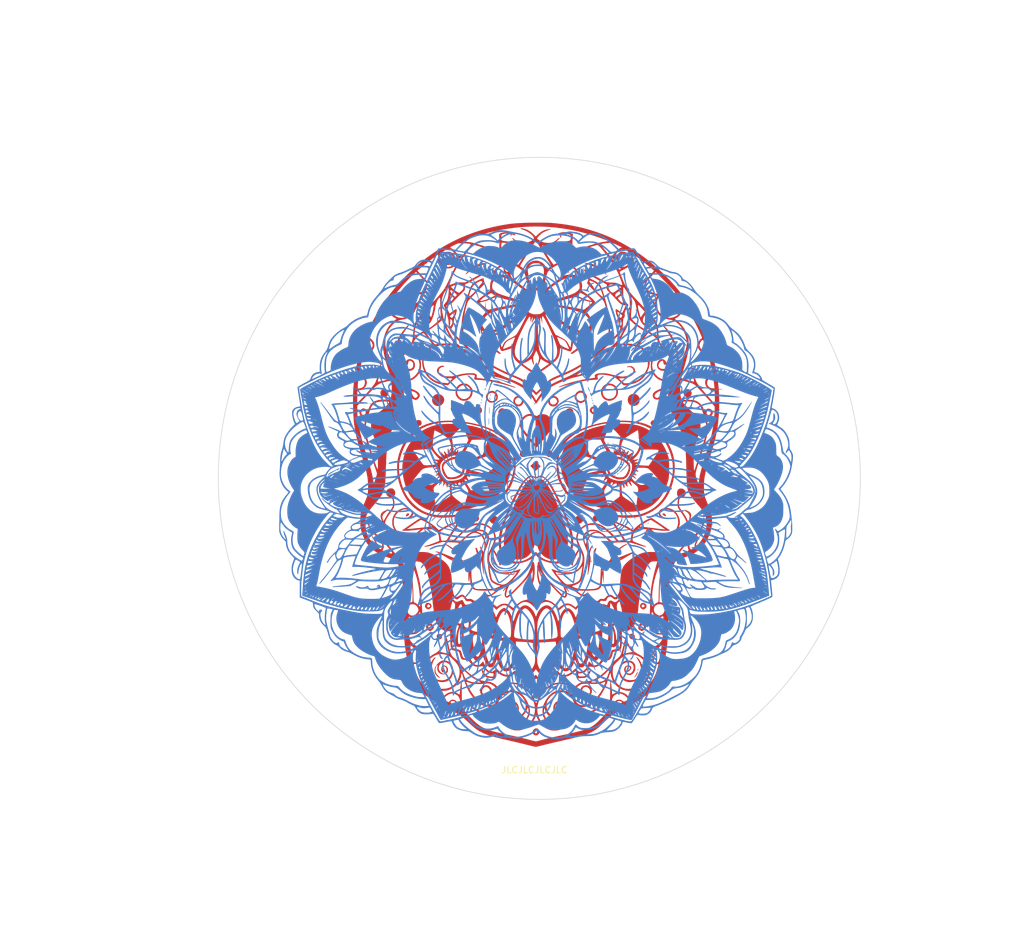
<source format=kicad_pcb>
(kicad_pcb (version 20221018) (generator pcbnew)
  (layers (0 "F.Cu" signal) (31 "B.Cu" signal) (34 "B.Paste" user) (35 "F.Paste" user) (36 "B.SilkS" user "B.Silkscreen") (37 "F.SilkS" user "F.Silkscreen") (38 "B.Mask" user) (39 "F.Mask" user) (44 "Edge.Cuts" user))
  (net 0 "")
  (footprint "LOGO" (layer "F.Cu") (at 45.55226 50.41246)
    (fp_text reference "G***" hide)
    (fp_text value "LOGO" hide)
    (fp_poly (pts (xy 9.720371 -32.660278) (xy 9.744476 -32.607847) (xy 9.745954 -32.603041) (xy 9.744421 -32.552775) (xy 9.716664 -32.509339) (xy 9.674123 -32.480757) (xy 9.628238 -32.475053) (xy 9.59353 -32.496125) (xy 9.583292 -32.539728) (xy 9.604876 -32.595196) (xy 9.650002 -32.648025) (xy 9.690554 -32.672886) (xy 9.720371 -32.660278)) (stroke (width 0.01)) (fill solid) (layer "F.Cu"))
    (fp_poly (pts (xy 16.639562 -4.97716) (xy 16.661171 -4.933426) (xy 16.676247 -4.880314) (xy 16.679334 -4.849834) (xy 16.667238 -4.803334) (xy 16.65037 -4.773314) (xy 16.627493 -4.747047) (xy 16.611157 -4.754927) (xy 16.59586 -4.781436) (xy 16.583945 -4.825939) (xy 16.582192 -4.884203) (xy 16.589064 -4.941518) (xy 16.603024 -4.983172) (xy 16.618218 -4.995333) (xy 16.639562 -4.97716)) (stroke (width 0.01)) (fill solid) (layer "F.Cu"))
    (fp_poly (pts (xy 12.514475 12.36652) (xy 12.54246 12.395435) (xy 12.561293 12.451062) (xy 12.567687 12.518188) (xy 12.559871 12.576633) (xy 12.539317 12.625385) (xy 12.515757 12.651983) (xy 12.514475 12.652481) (xy 12.49999 12.644599) (xy 12.491615 12.605708) (xy 12.488429 12.530783) (xy 12.488334 12.5095) (xy 12.490524 12.426178) (xy 12.497707 12.37997) (xy 12.510802 12.36585) (xy 12.514475 12.36652)) (stroke (width 0.01)) (fill solid) (layer "F.Cu"))
    (fp_poly (pts (xy 19.842226 29.27127) (xy 19.858692 29.319438) (xy 19.866707 29.383875) (xy 19.863769 29.451621) (xy 19.861211 29.466653) (xy 19.842995 29.523389) (xy 19.819797 29.542147) (xy 19.804369 29.53398) (xy 19.797327 29.507232) (xy 19.792432 29.450983) (xy 19.790834 29.386389) (xy 19.793504 29.308211) (xy 19.80244 29.265669) (xy 19.819029 29.252349) (xy 19.819814 29.252334) (xy 19.842226 29.27127)) (stroke (width 0.01)) (fill solid) (layer "F.Cu"))
    (fp_poly (pts (xy -15.901934 5.07053) (xy -15.861923 5.118802) (xy -15.849256 5.183256) (xy -15.870407 5.258346) (xy -15.883935 5.281539) (xy -15.924434 5.328075) (xy -15.986189 5.38236) (xy -16.058442 5.436747) (xy -16.130432 5.483591) (xy -16.191397 5.515243) (xy -16.225834 5.5245) (xy -16.277123 5.50586) (xy -16.299966 5.479116) (xy -16.317699 5.40432) (xy -16.304213 5.316798) (xy -16.263982 5.226586) (xy -16.201482 5.143719) (xy -16.121256 5.078277) (xy -16.038077 5.044721) (xy -15.96281 5.043987) (xy -15.901934 5.07053)) (stroke (width 0.01)) (fill solid) (layer "F.Cu"))
    (fp_poly (pts (xy 4.050939 -4.707856) (xy 4.11571 -4.646229) (xy 4.154119 -4.556512) (xy 4.161425 -4.441754) (xy 4.16008 -4.427302) (xy 4.131899 -4.298262) (xy 4.080722 -4.19856) (xy 4.010272 -4.130858) (xy 3.924276 -4.097818) (xy 3.826457 -4.102101) (xy 3.746671 -4.131867) (xy 3.648585 -4.201508) (xy 3.585362 -4.287665) (xy 3.557011 -4.383137) (xy 3.563542 -4.480724) (xy 3.604967 -4.573227) (xy 3.681295 -4.653445) (xy 3.745864 -4.693708) (xy 3.861275 -4.734645) (xy 3.964547 -4.738345) (xy 4.050939 -4.707856)) (stroke (width 0.01)) (fill solid) (layer "F.Cu"))
    (fp_poly (pts (xy -0.765947 16.630715) (xy -0.771637 16.67135) (xy -0.798307 16.731725) (xy -0.842458 16.805825) (xy -0.90059 16.887637) (xy -0.969201 16.971145) (xy -1.028026 17.033875) (xy -1.105994 17.108476) (xy -1.159946 17.151551) (xy -1.192384 17.164574) (xy -1.205807 17.149021) (xy -1.2065 17.139227) (xy -1.19307 17.093105) (xy -1.156826 17.026552) (xy -1.103834 16.947096) (xy -1.040159 16.862265) (xy -0.971868 16.779586) (xy -0.905026 16.706588) (xy -0.8457 16.650798) (xy -0.799957 16.619743) (xy -0.784738 16.615834) (xy -0.765947 16.630715)) (stroke (width 0.01)) (fill solid) (layer "F.Cu"))
    (fp_poly (pts (xy 23.838269 5.044858) (xy 23.908589 5.075117) (xy 23.981243 5.12707) (xy 24.049822 5.192942) (xy 24.107917 5.264956) (xy 24.149118 5.335338) (xy 24.167018 5.396311) (xy 24.159412 5.43448) (xy 24.127424 5.467021) (xy 24.08224 5.4738) (xy 24.013499 5.45595) (xy 24.001843 5.451713) (xy 23.853931 5.389561) (xy 23.746518 5.327622) (xy 23.6778 5.264488) (xy 23.645972 5.198746) (xy 23.643167 5.171218) (xy 23.649861 5.11963) (xy 23.677806 5.086732) (xy 23.715017 5.066219) (xy 23.780978 5.045395) (xy 23.838178 5.044835) (xy 23.838269 5.044858)) (stroke (width 0.01)) (fill solid) (layer "F.Cu"))
    (fp_poly (pts (xy 10.557524 12.072535) (xy 10.557061 12.242443) (xy 10.545926 12.383289) (xy 10.521852 12.507504) (xy 10.482573 12.627517) (xy 10.437316 12.73175) (xy 10.350022 12.885798) (xy 10.249392 13.008981) (xy 10.139271 13.097353) (xy 10.036372 13.143533) (xy 9.985834 13.153355) (xy 9.96103 13.142968) (xy 9.955427 13.132455) (xy 9.958134 13.093864) (xy 9.978299 13.054239) (xy 10.070061 12.924058) (xy 10.148869 12.799361) (xy 10.218971 12.671517) (xy 10.284614 12.531896) (xy 10.350046 12.371866) (xy 10.419515 12.182796) (xy 10.449506 12.09675) (xy 10.551584 11.800417) (xy 10.557524 12.072535)) (stroke (width 0.01)) (fill solid) (layer "F.Cu"))
    (fp_poly (pts (xy -12.698527 20.674904) (xy -12.59201 20.723821) (xy -12.511535 20.806047) (xy -12.456574 20.922006) (xy -12.443056 20.971557) (xy -12.430459 21.109078) (xy -12.454283 21.239843) (xy -12.511105 21.35639) (xy -12.597503 21.451257) (xy -12.689235 21.508191) (xy -12.80801 21.542926) (xy -12.927963 21.537856) (xy -13.054716 21.492698) (xy -13.061184 21.489459) (xy -13.169461 21.417374) (xy -13.256191 21.325662) (xy -13.31684 21.222301) (xy -13.346873 21.11527) (xy -13.341758 21.01255) (xy -13.338646 21.001157) (xy -13.289009 20.902779) (xy -13.206744 20.812953) (xy -13.10151 20.738199) (xy -12.982964 20.685034) (xy -12.860762 20.65998) (xy -12.831612 20.658874) (xy -12.698527 20.674904)) (stroke (width 0.01)) (fill solid) (layer "F.Cu"))
    (fp_poly (pts (xy -14.208501 -9.481732) (xy -14.090895 -9.43389) (xy -13.997424 -9.354518) (xy -13.931205 -9.245534) (xy -13.895356 -9.108854) (xy -13.894314 -9.100454) (xy -13.893401 -8.957996) (xy -13.927964 -8.835848) (xy -13.999642 -8.728881) (xy -14.019837 -8.707592) (xy -14.129346 -8.624551) (xy -14.252298 -8.581333) (xy -14.389301 -8.577827) (xy -14.536935 -8.612518) (xy -14.610598 -8.643551) (xy -14.675063 -8.680086) (xy -14.700286 -8.699534) (xy -14.757088 -8.778584) (xy -14.795638 -8.88682) (xy -14.813074 -9.013992) (xy -14.811917 -9.099375) (xy -14.793603 -9.229352) (xy -14.756323 -9.325875) (xy -14.694603 -9.395617) (xy -14.602969 -9.445252) (xy -14.503643 -9.475157) (xy -14.347123 -9.496127) (xy -14.208501 -9.481732)) (stroke (width 0.01)) (fill solid) (layer "F.Cu"))
    (fp_poly (pts (xy -5.258953 5.400042) (xy -5.180177 5.431371) (xy -5.067473 5.506081) (xy -4.992507 5.598606) (xy -4.953341 5.711995) (xy -4.946163 5.799667) (xy -4.966687 5.935271) (xy -5.027211 6.060375) (xy -5.126162 6.172465) (xy -5.226603 6.247725) (xy -5.319516 6.293643) (xy -5.403239 6.304119) (xy -5.477927 6.285451) (xy -5.536897 6.254788) (xy -5.611919 6.206715) (xy -5.687467 6.152012) (xy -5.748013 6.10146) (xy -5.760221 6.089456) (xy -5.81558 6.012933) (xy -5.858904 5.91853) (xy -5.881777 5.826047) (xy -5.883403 5.799667) (xy -5.864025 5.682791) (xy -5.810313 5.580054) (xy -5.728901 5.494928) (xy -5.626425 5.43089) (xy -5.509518 5.391413) (xy -5.384816 5.379972) (xy -5.258953 5.400042)) (stroke (width 0.01)) (fill solid) (layer "F.Cu"))
    (fp_poly (pts (xy 13.348978 5.304117) (xy 13.454949 5.342206) (xy 13.555218 5.408263) (xy 13.642563 5.495564) (xy 13.709765 5.59738) (xy 13.749603 5.706987) (xy 13.757404 5.7785) (xy 13.738933 5.879942) (xy 13.688055 5.988075) (xy 13.611571 6.093628) (xy 13.516282 6.187328) (xy 13.408989 6.259904) (xy 13.401359 6.263875) (xy 13.304494 6.299989) (xy 13.213678 6.301333) (xy 13.11358 6.268113) (xy 13.11275 6.267731) (xy 12.996275 6.19479) (xy 12.899539 6.096473) (xy 12.828871 5.981837) (xy 12.790603 5.85994) (xy 12.785597 5.799667) (xy 12.805641 5.677389) (xy 12.861344 5.560755) (xy 12.946062 5.456987) (xy 13.053149 5.373311) (xy 13.175961 5.31695) (xy 13.244524 5.300724) (xy 13.348978 5.304117)) (stroke (width 0.01)) (fill solid) (layer "F.Cu"))
    (fp_poly (pts (xy 19.784964 29.735314) (xy 19.784085 29.785607) (xy 19.761363 29.86641) (xy 19.717445 29.975254) (xy 19.668988 30.077834) (xy 19.600154 30.204712) (xy 19.527921 30.309519) (xy 19.438826 30.4113) (xy 19.418382 30.432375) (xy 19.352508 30.496887) (xy 19.295544 30.54803) (xy 19.255041 30.579278) (xy 19.240889 30.585834) (xy 19.225841 30.578294) (xy 19.240236 30.550076) (xy 19.24321 30.545936) (xy 19.269292 30.510187) (xy 19.312022 30.451704) (xy 19.363052 30.381913) (xy 19.373524 30.367597) (xy 19.423236 30.29324) (xy 19.483316 30.193691) (xy 19.546123 30.082072) (xy 19.602978 29.973578) (xy 19.660545 29.863539) (xy 19.708341 29.781841) (xy 19.744033 29.732207) (xy 19.763352 29.718) (xy 19.784964 29.735314)) (stroke (width 0.01)) (fill solid) (layer "F.Cu"))
    (fp_poly (pts (xy 20.879962 20.640302) (xy 20.919806 20.653216) (xy 20.960952 20.683007) (xy 21.01515 20.736438) (xy 21.031632 20.753772) (xy 21.139796 20.88639) (xy 21.206354 21.011577) (xy 21.231346 21.129508) (xy 21.21481 21.240359) (xy 21.160387 21.339646) (xy 21.06103 21.440811) (xy 20.942449 21.506249) (xy 20.80009 21.538293) (xy 20.767208 21.54097) (xy 20.670378 21.542135) (xy 20.596846 21.530188) (xy 20.54225 21.509199) (xy 20.454032 21.456283) (xy 20.393186 21.388837) (xy 20.352557 21.309447) (xy 20.320341 21.179904) (xy 20.327039 21.046944) (xy 20.370853 20.918762) (xy 20.449986 20.803549) (xy 20.467581 20.785081) (xy 20.575685 20.69973) (xy 20.695523 20.651801) (xy 20.829671 20.6375) (xy 20.879962 20.640302)) (stroke (width 0.01)) (fill solid) (layer "F.Cu"))
    (fp_poly (pts (xy -13.373691 7.603525) (xy -13.323697 7.644638) (xy -13.274078 7.702349) (xy -13.21546 7.793319) (xy -13.151102 7.910292) (xy -13.084265 8.046006) (xy -13.018211 8.193205) (xy -12.956198 8.344627) (xy -12.901488 8.493016) (xy -12.857341 8.631112) (xy -12.827483 8.749388) (xy -12.815177 8.833451) (xy -12.818804 8.884715) (xy -12.837464 8.900782) (xy -12.870256 8.879258) (xy -12.874567 8.874625) (xy -12.904937 8.83055) (xy -12.948952 8.751984) (xy -13.00432 8.643654) (xy -13.068748 8.510288) (xy -13.139943 8.356614) (xy -13.215612 8.187357) (xy -13.280289 8.038154) (xy -13.346922 7.879504) (xy -13.395383 7.756748) (xy -13.425917 7.66766) (xy -13.438769 7.610018) (xy -13.434186 7.581598) (xy -13.412411 7.580174) (xy -13.373691 7.603525)) (stroke (width 0.01)) (fill solid) (layer "F.Cu"))
    (fp_poly (pts (xy 7.57344 14.475245) (xy 7.70271 14.482268) (xy 7.839109 14.492622) (xy 7.975643 14.506077) (xy 8.001382 14.509007) (xy 8.141099 14.525893) (xy 8.243635 14.539915) (xy 8.31397 14.552046) (xy 8.357083 14.563262) (xy 8.377951 14.574536) (xy 8.382 14.583482) (xy 8.361844 14.600807) (xy 8.304908 14.613306) (xy 8.216487 14.620801) (xy 8.101878 14.623115) (xy 7.966379 14.620069) (xy 7.815285 14.611486) (xy 7.736417 14.605139) (xy 7.584126 14.590705) (xy 7.468915 14.577289) (xy 7.385573 14.564031) (xy 7.328888 14.550074) (xy 7.293649 14.534559) (xy 7.289026 14.53142) (xy 7.26523 14.502918) (xy 7.267513 14.485022) (xy 7.298334 14.47644) (xy 7.364258 14.472102) (xy 7.458291 14.47178) (xy 7.57344 14.475245)) (stroke (width 0.01)) (fill solid) (layer "F.Cu"))
    (fp_poly (pts (xy 10.801989 5.412718) (xy 10.953233 5.465106) (xy 11.083997 5.5474) (xy 11.18897 5.655863) (xy 11.262839 5.786754) (xy 11.284085 5.850362) (xy 11.296941 5.97521) (xy 11.274538 6.10824) (xy 11.220974 6.24204) (xy 11.140346 6.369197) (xy 11.036752 6.482297) (xy 10.914287 6.573927) (xy 10.870896 6.597954) (xy 10.746007 6.642513) (xy 10.607511 6.661177) (xy 10.47216 6.652743) (xy 10.393967 6.632219) (xy 10.270465 6.565474) (xy 10.168067 6.467546) (xy 10.089556 6.345413) (xy 10.037708 6.206052) (xy 10.015305 6.056441) (xy 10.025124 5.903558) (xy 10.057025 5.786304) (xy 10.131383 5.641886) (xy 10.233388 5.52888) (xy 10.36053 5.448987) (xy 10.510297 5.403911) (xy 10.635577 5.393974) (xy 10.801989 5.412718)) (stroke (width 0.01)) (fill solid) (layer "F.Cu"))
    (fp_poly (pts (xy 22.46313 -9.433425) (xy 22.576468 -9.351363) (xy 22.643316 -9.277739) (xy 22.703325 -9.190143) (xy 22.751119 -9.099126) (xy 22.781324 -9.015242) (xy 22.788567 -8.949041) (xy 22.786711 -8.938544) (xy 22.754256 -8.867636) (xy 22.695211 -8.787951) (xy 22.619946 -8.711352) (xy 22.538832 -8.649701) (xy 22.529013 -8.643763) (xy 22.420703 -8.598892) (xy 22.297953 -8.577439) (xy 22.176246 -8.580488) (xy 22.071066 -8.609121) (xy 22.06625 -8.611373) (xy 21.96983 -8.673933) (xy 21.88581 -8.7586) (xy 21.821903 -8.854867) (xy 21.785823 -8.952228) (xy 21.780618 -9.000445) (xy 21.800729 -9.116631) (xy 21.856157 -9.230082) (xy 21.940385 -9.331585) (xy 22.046894 -9.411929) (xy 22.08624 -9.432423) (xy 22.218004 -9.474554) (xy 22.343377 -9.474931) (xy 22.46313 -9.433425)) (stroke (width 0.01)) (fill solid) (layer "F.Cu"))
    (fp_poly (pts (xy 27.687263 -14.289668) (xy 27.77212 -14.252945) (xy 27.902206 -14.16487) (xy 28.015729 -14.054763) (xy 28.100953 -13.934374) (xy 28.112533 -13.912212) (xy 28.150163 -13.79648) (xy 28.163423 -13.662635) (xy 28.152343 -13.527161) (xy 28.116954 -13.406537) (xy 28.111562 -13.394849) (xy 28.030455 -13.267866) (xy 27.923155 -13.160965) (xy 27.827684 -13.098817) (xy 27.721655 -13.06241) (xy 27.595685 -13.045848) (xy 27.467749 -13.05015) (xy 27.365934 -13.07265) (xy 27.217981 -13.143761) (xy 27.099166 -13.24132) (xy 27.011717 -13.360084) (xy 26.957864 -13.494811) (xy 26.939835 -13.640259) (xy 26.95986 -13.791186) (xy 27.006976 -13.916858) (xy 27.078785 -14.035309) (xy 27.169079 -14.129346) (xy 27.287724 -14.208295) (xy 27.347334 -14.238698) (xy 27.474453 -14.288415) (xy 27.584632 -14.3053) (xy 27.687263 -14.289668)) (stroke (width 0.01)) (fill solid) (layer "F.Cu"))
    (fp_poly (pts (xy -2.548004 5.394387) (xy -2.547751 5.394438) (xy -2.414624 5.438335) (xy -2.287379 5.511093) (xy -2.18199 5.603085) (xy -2.161523 5.627208) (xy -2.078478 5.761678) (xy -2.036913 5.901259) (xy -2.036576 6.043958) (xy -2.077216 6.187782) (xy -2.15858 6.330735) (xy -2.266465 6.457047) (xy -2.394 6.567351) (xy -2.517253 6.636618) (xy -2.63898 6.665558) (xy -2.761937 6.654879) (xy -2.873698 6.613095) (xy -2.963967 6.556353) (xy -3.061134 6.476405) (xy -3.153214 6.384846) (xy -3.228223 6.293272) (xy -3.264208 6.235264) (xy -3.299028 6.123121) (xy -3.301715 5.995238) (xy -3.27492 5.860002) (xy -3.221293 5.725804) (xy -3.143485 5.601032) (xy -3.044145 5.494077) (xy -3.024966 5.477995) (xy -2.931535 5.425572) (xy -2.812319 5.392662) (xy -2.680185 5.381515) (xy -2.548004 5.394387)) (stroke (width 0.01)) (fill solid) (layer "F.Cu"))
    (fp_poly (pts (xy 1.98032 -4.734212) (xy 2.09582 -4.691652) (xy 2.197569 -4.612852) (xy 2.267743 -4.533597) (xy 2.310795 -4.456688) (xy 2.332467 -4.367523) (xy 2.338497 -4.2545) (xy 2.336179 -4.163215) (xy 2.326239 -4.097596) (xy 2.305066 -4.041168) (xy 2.282799 -4.000297) (xy 2.205077 -3.901821) (xy 2.101566 -3.81728) (xy 1.987852 -3.758727) (xy 1.957851 -3.749056) (xy 1.902775 -3.734924) (xy 1.867406 -3.728003) (xy 1.862667 -3.727907) (xy 1.835597 -3.733953) (xy 1.80975 -3.739751) (xy 1.664084 -3.788404) (xy 1.552819 -3.861528) (xy 1.475556 -3.959688) (xy 1.431896 -4.083451) (xy 1.421438 -4.233383) (xy 1.424852 -4.285017) (xy 1.448168 -4.425346) (xy 1.491315 -4.532833) (xy 1.558897 -4.614137) (xy 1.655519 -4.675916) (xy 1.711767 -4.699909) (xy 1.853007 -4.736838) (xy 1.98032 -4.734212)) (stroke (width 0.01)) (fill solid) (layer "F.Cu"))
    (fp_poly (pts (xy 3.986262 -2.989961) (xy 4.059097 -2.917162) (xy 4.142658 -2.830821) (xy 4.232231 -2.736125) (xy 4.323104 -2.638263) (xy 4.410563 -2.542423) (xy 4.489894 -2.453794) (xy 4.556384 -2.377564) (xy 4.60532 -2.31892) (xy 4.631989 -2.283052) (xy 4.6355 -2.275312) (xy 4.619803 -2.247789) (xy 4.575454 -2.197363) (xy 4.506566 -2.127936) (xy 4.41725 -2.043411) (xy 4.311619 -1.947692) (xy 4.193786 -1.844682) (xy 4.082432 -1.750406) (xy 3.996508 -1.679247) (xy 3.922598 -1.618955) (xy 3.866506 -1.574192) (xy 3.834035 -1.54962) (xy 3.828432 -1.546367) (xy 3.812207 -1.561267) (xy 3.770566 -1.60261) (xy 3.707478 -1.666365) (xy 3.626914 -1.748503) (xy 3.532843 -1.844994) (xy 3.439584 -1.941116) (xy 3.058584 -2.334665) (xy 3.459965 -2.723252) (xy 3.861346 -3.11184) (xy 3.986262 -2.989961)) (stroke (width 0.01)) (fill solid) (layer "F.Cu"))
    (fp_poly (pts (xy -19.570549 -14.263089) (xy -19.537024 -14.253846) (xy -19.435161 -14.218328) (xy -19.352839 -14.174587) (xy -19.27164 -14.111915) (xy -19.233415 -14.077349) (xy -19.136993 -13.960806) (xy -19.076872 -13.828845) (xy -19.053062 -13.687848) (xy -19.065575 -13.544199) (xy -19.114423 -13.404281) (xy -19.199619 -13.274476) (xy -19.231851 -13.238889) (xy -19.299316 -13.178505) (xy -19.373352 -13.1256) (xy -19.419089 -13.100573) (xy -19.510502 -13.071306) (xy -19.619076 -13.052751) (xy -19.726734 -13.046846) (xy -19.8154 -13.055529) (xy -19.822583 -13.05729) (xy -19.972024 -13.116786) (xy -20.094724 -13.208565) (xy -20.189593 -13.331233) (xy -20.255539 -13.483394) (xy -20.29058 -13.655545) (xy -20.293635 -13.803652) (xy -20.264232 -13.929963) (xy -20.199595 -14.04287) (xy -20.14 -14.110427) (xy -20.01528 -14.209379) (xy -19.879289 -14.267689) (xy -19.731291 -14.285534) (xy -19.570549 -14.263089)) (stroke (width 0.01)) (fill solid) (layer "F.Cu"))
    (fp_poly (pts (xy 13.292579 10.437869) (xy 13.308598 10.471164) (xy 13.308733 10.533917) (xy 13.292743 10.628452) (xy 13.260387 10.757093) (xy 13.211424 10.922164) (xy 13.209445 10.928506) (xy 13.116268 11.246675) (xy 13.038802 11.5575) (xy 12.973102 11.87817) (xy 12.922065 12.18101) (xy 12.903226 12.299414) (xy 12.885705 12.402692) (xy 12.870785 12.483799) (xy 12.859749 12.535692) (xy 12.854589 12.551427) (xy 12.851776 12.534428) (xy 12.85035 12.480789) (xy 12.850288 12.39618) (xy 12.851568 12.286271) (xy 12.854166 12.156732) (xy 12.856543 12.065) (xy 12.864802 11.818031) (xy 12.874932 11.607549) (xy 12.887487 11.427731) (xy 12.903024 11.272752) (xy 12.922097 11.136787) (xy 12.945263 11.01401) (xy 12.96474 10.930701) (xy 13.015151 10.762296) (xy 13.072753 10.625198) (xy 13.135845 10.522273) (xy 13.202725 10.456388) (xy 13.260917 10.431709) (xy 13.292579 10.437869)) (stroke (width 0.01)) (fill solid) (layer "F.Cu"))
    (fp_poly (pts (xy -11.172036 -13.521735) (xy -10.984629 -13.470287) (xy -10.808763 -13.383432) (xy -10.650503 -13.262413) (xy -10.605985 -13.218174) (xy -10.490003 -13.067365) (xy -10.413817 -12.903442) (xy -10.377682 -12.728412) (xy -10.381854 -12.544284) (xy -10.426589 -12.353066) (xy -10.47924 -12.222284) (xy -10.580307 -12.053685) (xy -10.709886 -11.912381) (xy -10.862746 -11.801144) (xy -11.033658 -11.722748) (xy -11.217392 -11.679963) (xy -11.408719 -11.675563) (xy -11.490929 -11.685974) (xy -11.666548 -11.736474) (xy -11.830133 -11.82243) (xy -11.974097 -11.93816) (xy -12.090852 -12.077982) (xy -12.148042 -12.178012) (xy -12.21703 -12.363316) (xy -12.251645 -12.553308) (xy -12.251655 -12.740321) (xy -12.216829 -12.916688) (xy -12.173584 -13.025704) (xy -12.099731 -13.14381) (xy -11.999561 -13.259941) (xy -11.885128 -13.362187) (xy -11.768489 -13.43864) (xy -11.742869 -13.451208) (xy -11.55722 -13.513439) (xy -11.364921 -13.536533) (xy -11.172036 -13.521735)) (stroke (width 0.01)) (fill solid) (layer "F.Cu"))
    (fp_poly (pts (xy 6.142036 -4.73478) (xy 6.263143 -4.694971) (xy 6.265656 -4.693708) (xy 6.342691 -4.64504) (xy 6.395335 -4.585345) (xy 6.427372 -4.506485) (xy 6.442585 -4.400325) (xy 6.44525 -4.307416) (xy 6.443826 -4.211256) (xy 6.437596 -4.143149) (xy 6.423618 -4.088857) (xy 6.398954 -4.034143) (xy 6.382549 -4.003717) (xy 6.294898 -3.886508) (xy 6.180671 -3.798097) (xy 6.063843 -3.748961) (xy 6.008876 -3.734801) (xy 5.973642 -3.727769) (xy 5.969 -3.727618) (xy 5.943031 -3.733481) (xy 5.894654 -3.744872) (xy 5.891915 -3.745525) (xy 5.781949 -3.789207) (xy 5.67739 -3.86207) (xy 5.58476 -3.955883) (xy 5.510581 -4.062418) (xy 5.461376 -4.173444) (xy 5.443667 -4.280732) (xy 5.445253 -4.309089) (xy 5.478026 -4.42165) (xy 5.545101 -4.522609) (xy 5.63925 -4.608578) (xy 5.753246 -4.676168) (xy 5.87986 -4.72199) (xy 6.011866 -4.742657) (xy 6.142036 -4.73478)) (stroke (width 0.01)) (fill solid) (layer "F.Cu"))
    (fp_poly (pts (xy -5.399972 10.404772) (xy -5.340672 10.445109) (xy -5.281877 10.519514) (xy -5.224908 10.623883) (xy -5.171088 10.75411) (xy -5.121736 10.90609) (xy -5.078174 11.075718) (xy -5.041723 11.258888) (xy -5.013704 11.451495) (xy -4.995438 11.649434) (xy -4.988246 11.8486) (xy -4.98819 11.863917) (xy -4.989092 11.999549) (xy -4.992771 12.102295) (xy -5.000094 12.181561) (xy -5.011926 12.246752) (xy -5.02897 12.306776) (xy -5.060532 12.390394) (xy -5.086582 12.432094) (xy -5.10725 12.431913) (xy -5.122665 12.38989) (xy -5.130351 12.336081) (xy -5.136092 12.26769) (xy -5.142653 12.171347) (xy -5.149112 12.061401) (xy -5.153253 11.980334) (xy -5.170735 11.774078) (xy -5.204905 11.55716) (xy -5.257249 11.322557) (xy -5.329252 11.063246) (xy -5.384936 10.88539) (xy -5.43253 10.736668) (xy -5.466823 10.622915) (xy -5.48857 10.539168) (xy -5.498529 10.480465) (xy -5.497455 10.441843) (xy -5.486103 10.418339) (xy -5.465229 10.404991) (xy -5.458456 10.40261) (xy -5.399972 10.404772)) (stroke (width 0.01)) (fill solid) (layer "F.Cu"))
    (fp_poly (pts (xy 11.832167 -33.944552) (xy 12.163126 -33.912073) (xy 12.500479 -33.843933) (xy 12.838983 -33.742961) (xy 13.173393 -33.611982) (xy 13.498466 -33.453824) (xy 13.808958 -33.271315) (xy 14.099626 -33.067281) (xy 14.365226 -32.844549) (xy 14.600513 -32.605948) (xy 14.800245 -32.354304) (xy 14.811375 -32.338285) (xy 14.872161 -32.247068) (xy 14.908165 -32.184926) (xy 14.921142 -32.147946) (xy 14.912844 -32.132218) (xy 14.904317 -32.131) (xy 14.883356 -32.144344) (xy 14.836122 -32.181435) (xy 14.767952 -32.237858) (xy 14.684181 -32.3092) (xy 14.593809 -32.387828) (xy 14.317162 -32.614307) (xy 14.020775 -32.824124) (xy 13.70115 -33.019065) (xy 13.354786 -33.200921) (xy 12.978183 -33.371479) (xy 12.567843 -33.532527) (xy 12.120266 -33.685856) (xy 11.948584 -33.739743) (xy 11.827166 -33.777736) (xy 11.715774 -33.813939) (xy 11.622451 -33.845635) (xy 11.555237 -33.870107) (xy 11.525716 -33.882632) (xy 11.462681 -33.915078) (xy 11.515132 -33.935377) (xy 11.556911 -33.94255) (xy 11.6311 -33.946623) (xy 11.727871 -33.94731) (xy 11.832167 -33.944552)) (stroke (width 0.01)) (fill solid) (layer "F.Cu"))
    (fp_poly (pts (xy 19.377028 -13.539047) (xy 19.539854 -13.485796) (xy 19.689127 -13.402652) (xy 19.819075 -13.289252) (xy 19.888171 -13.20248) (xy 19.957594 -13.090702) (xy 20.005359 -12.984468) (xy 20.034822 -12.871563) (xy 20.049342 -12.73977) (xy 20.052445 -12.60475) (xy 20.050864 -12.486696) (xy 20.045757 -12.399176) (xy 20.035589 -12.330436) (xy 20.018829 -12.268722) (xy 20.002903 -12.22482) (xy 19.925698 -12.082129) (xy 19.815434 -11.9566) (xy 19.678913 -11.851139) (xy 19.522935 -11.768651) (xy 19.354302 -11.712042) (xy 19.179815 -11.684218) (xy 19.006276 -11.688084) (xy 18.840485 -11.726545) (xy 18.838334 -11.727314) (xy 18.717752 -11.781896) (xy 18.598705 -11.855411) (xy 18.495772 -11.937945) (xy 18.438405 -11.999184) (xy 18.331794 -12.167817) (xy 18.261824 -12.352623) (xy 18.229008 -12.547712) (xy 18.233854 -12.747198) (xy 18.276875 -12.945194) (xy 18.342499 -13.105288) (xy 18.438615 -13.251126) (xy 18.561573 -13.369612) (xy 18.705604 -13.460382) (xy 18.864936 -13.523073) (xy 19.033798 -13.557323) (xy 19.206418 -13.562769) (xy 19.377028 -13.539047)) (stroke (width 0.01)) (fill solid) (layer "F.Cu"))
    (fp_poly (pts (xy 18.968852 23.804983) (xy 19.080943 23.846703) (xy 19.180991 23.916926) (xy 19.251504 23.999839) (xy 19.300937 24.105774) (xy 19.322944 24.224442) (xy 19.31766 24.343604) (xy 19.285222 24.45102) (xy 19.245825 24.513389) (xy 19.150512 24.595577) (xy 19.036214 24.64297) (xy 18.910624 24.653638) (xy 18.788116 24.628091) (xy 18.66814 24.565927) (xy 18.571484 24.477328) (xy 18.5018 24.369668) (xy 18.46274 24.250321) (xy 18.460303 24.187328) (xy 18.713205 24.187328) (xy 18.725486 24.241362) (xy 18.755203 24.285896) (xy 18.816352 24.333429) (xy 18.89105 24.345318) (xy 18.970775 24.322046) (xy 19.041534 24.2697) (xy 19.092546 24.202177) (xy 19.114406 24.135904) (xy 19.105876 24.079798) (xy 19.072558 24.046078) (xy 18.998002 24.025299) (xy 18.911476 24.028838) (xy 18.827461 24.053164) (xy 18.760439 24.094748) (xy 18.733128 24.128828) (xy 18.713205 24.187328) (xy 18.460303 24.187328) (xy 18.457954 24.12666) (xy 18.485931 24.017865) (xy 18.547587 23.91967) (xy 18.634085 23.849111) (xy 18.738046 23.806361) (xy 18.852094 23.791594) (xy 18.968852 23.804983)) (stroke (width 0.01)) (fill solid) (layer "F.Cu"))
    (fp_poly (pts (xy -3.923069 -33.941642) (xy -3.829481 -33.936904) (xy -3.753807 -33.928675) (xy -3.7041 -33.917366) (xy -3.688411 -33.90339) (xy -3.688526 -33.903004) (xy -3.710667 -33.889631) (xy -3.765939 -33.868817) (xy -3.846367 -33.843256) (xy -3.94398 -33.815639) (xy -3.959306 -33.811566) (xy -4.407217 -33.678379) (xy -4.845447 -33.518323) (xy -5.268748 -33.334066) (xy -5.671874 -33.128275) (xy -6.049577 -32.903618) (xy -6.39661 -32.662761) (xy -6.6917 -32.422615) (xy -6.800606 -32.32771) (xy -6.88243 -32.26011) (xy -6.940531 -32.217702) (xy -6.978267 -32.198372) (xy -6.998995 -32.200005) (xy -7.006073 -32.220488) (xy -7.006166 -32.224629) (xy -6.990352 -32.26966) (xy -6.945469 -32.337525) (xy -6.875354 -32.424426) (xy -6.783847 -32.526566) (xy -6.674785 -32.640148) (xy -6.552007 -32.761374) (xy -6.419352 -32.886447) (xy -6.280656 -33.01157) (xy -6.139759 -33.132946) (xy -6.000499 -33.246777) (xy -5.877272 -33.341464) (xy -5.659991 -33.482421) (xy -5.409083 -33.609878) (xy -5.131828 -33.721229) (xy -4.835508 -33.813868) (xy -4.527402 -33.885189) (xy -4.230815 -33.930779) (xy -4.131788 -33.938992) (xy -4.026522 -33.942475) (xy -3.923069 -33.941642)) (stroke (width 0.01)) (fill solid) (layer "F.Cu"))
    (fp_poly (pts (xy -2.657127 11.851059) (xy -2.636214 11.902843) (xy -2.607676 11.980185) (xy -2.574293 12.075748) (xy -2.564978 12.10322) (xy -2.521542 12.227674) (xy -2.472796 12.360249) (xy -2.42502 12.48421) (xy -2.388215 12.574178) (xy -2.338772 12.681234) (xy -2.282864 12.788366) (xy -2.225146 12.888001) (xy -2.170277 12.972569) (xy -2.122913 13.034499) (xy -2.087711 13.06622) (xy -2.084755 13.06755) (xy -2.060849 13.090308) (xy -2.053264 13.121903) (xy -2.065046 13.143065) (xy -2.072602 13.1445) (xy -2.109885 13.149612) (xy -2.120227 13.152111) (xy -2.162338 13.154413) (xy -2.199684 13.150162) (xy -2.238531 13.131072) (xy -2.295172 13.089131) (xy -2.358701 13.032605) (xy -2.372181 13.019372) (xy -2.436629 12.95109) (xy -2.480616 12.891248) (xy -2.5138 12.823658) (xy -2.545843 12.73213) (xy -2.548413 12.724029) (xy -2.578101 12.620735) (xy -2.605107 12.510705) (xy -2.624031 12.416112) (xy -2.625327 12.407999) (xy -2.636541 12.325097) (xy -2.6472 12.228258) (xy -2.656671 12.126111) (xy -2.664319 12.027286) (xy -2.66951 11.940415) (xy -2.671611 11.874128) (xy -2.669986 11.837054) (xy -2.667637 11.832167) (xy -2.657127 11.851059)) (stroke (width 0.01)) (fill solid) (layer "F.Cu"))
    (fp_poly (pts (xy -11.081478 23.836693) (xy -10.977824 23.845172) (xy -10.889019 23.861052) (xy -10.828202 23.88374) (xy -10.825836 23.885236) (xy -10.763161 23.951486) (xy -10.72486 24.051674) (xy -10.711265 24.184895) (xy -10.711262 24.198112) (xy -10.725529 24.35021) (xy -10.766433 24.470325) (xy -10.834667 24.559928) (xy -10.904252 24.608018) (xy -10.979765 24.632867) (xy -11.077816 24.646491) (xy -11.179775 24.647534) (xy -11.267016 24.634645) (xy -11.267788 24.634431) (xy -11.370577 24.584736) (xy -11.451095 24.502262) (xy -11.504129 24.392976) (xy -11.51475 24.351847) (xy -11.530089 24.211227) (xy -11.524133 24.154404) (xy -11.300337 24.154404) (xy -11.294632 24.199719) (xy -11.268784 24.267465) (xy -11.221897 24.337735) (xy -11.208294 24.353126) (xy -11.156751 24.399747) (xy -11.113993 24.412977) (xy -11.069445 24.392008) (xy -11.014603 24.338319) (xy -10.952353 24.252447) (xy -10.928572 24.176014) (xy -10.943335 24.111489) (xy -10.99672 24.061339) (xy -11.005922 24.056302) (xy -11.100159 24.026891) (xy -11.188506 24.0365) (xy -11.251962 24.073331) (xy -11.289839 24.113185) (xy -11.300337 24.154404) (xy -11.524133 24.154404) (xy -11.516865 24.085083) (xy -11.477071 23.979355) (xy -11.4127 23.899977) (xy -11.350161 23.861587) (xy -11.280785 23.844308) (xy -11.186845 23.836208) (xy -11.081478 23.836693)) (stroke (width 0.01)) (fill solid) (layer "F.Cu"))
    (fp_poly (pts (xy 4.083093 38.555317) (xy 4.190333 38.624388) (xy 4.280239 38.709597) (xy 4.369302 38.832217) (xy 4.421274 38.964862) (xy 4.437444 39.101211) (xy 4.419098 39.234943) (xy 4.367524 39.359738) (xy 4.28401 39.469273) (xy 4.169844 39.55723) (xy 4.100582 39.591595) (xy 3.994313 39.618108) (xy 3.874665 39.620324) (xy 3.761395 39.598827) (xy 3.715028 39.580223) (xy 3.594009 39.501958) (xy 3.495886 39.402637) (xy 3.426228 39.29004) (xy 3.390604 39.171948) (xy 3.387132 39.122135) (xy 3.400333 39.041231) (xy 3.740228 39.041231) (xy 3.741592 39.128873) (xy 3.767437 39.211318) (xy 3.820012 39.279484) (xy 3.820656 39.280042) (xy 3.882571 39.319017) (xy 3.94077 39.320792) (xy 4.00311 39.284471) (xy 4.034367 39.2557) (xy 4.078564 39.205737) (xy 4.09983 39.159085) (xy 4.106152 39.095624) (xy 4.106334 39.074392) (xy 4.093916 38.961061) (xy 4.057382 38.879969) (xy 3.997811 38.832711) (xy 3.934563 38.82034) (xy 3.860511 38.837948) (xy 3.801938 38.886687) (xy 3.761093 38.957475) (xy 3.740228 39.041231) (xy 3.400333 39.041231) (xy 3.407539 38.99707) (xy 3.46416 38.870933) (xy 3.551771 38.75132) (xy 3.665151 38.645829) (xy 3.756651 38.584685) (xy 3.869848 38.536323) (xy 3.977464 38.526248) (xy 4.083093 38.555317)) (stroke (width 0.01)) (fill solid) (layer "F.Cu"))
    (fp_poly (pts (xy 20.680446 18.990658) (xy 20.813333 19.027239) (xy 20.941393 19.100603) (xy 20.983781 19.134899) (xy 21.078624 19.241757) (xy 21.133168 19.358261) (xy 21.14746 19.481245) (xy 21.121548 19.607544) (xy 21.055482 19.733991) (xy 20.97313 19.833768) (xy 20.858412 19.929838) (xy 20.740869 19.983954) (xy 20.619312 19.996465) (xy 20.502616 19.971424) (xy 20.375855 19.90426) (xy 20.270278 19.802561) (xy 20.207412 19.705105) (xy 20.174685 19.635435) (xy 20.157758 19.575698) (xy 20.155171 19.539351) (xy 20.3637 19.539351) (xy 20.397029 19.613277) (xy 20.414288 19.633046) (xy 20.47908 19.671055) (xy 20.565029 19.685971) (xy 20.657206 19.676834) (xy 20.72286 19.652892) (xy 20.790799 19.595677) (xy 20.835408 19.512856) (xy 20.849167 19.429935) (xy 20.83587 19.36919) (xy 20.791757 19.306609) (xy 20.774492 19.288592) (xy 20.724633 19.243388) (xy 20.684161 19.223816) (xy 20.635591 19.222796) (xy 20.617397 19.224973) (xy 20.523932 19.253719) (xy 20.447834 19.307558) (xy 20.393099 19.378462) (xy 20.363722 19.458403) (xy 20.3637 19.539351) (xy 20.155171 19.539351) (xy 20.152861 19.506903) (xy 20.154736 19.439674) (xy 20.162672 19.346693) (xy 20.179247 19.278688) (xy 20.209165 19.218482) (xy 20.21988 19.20173) (xy 20.31245 19.096396) (xy 20.424043 19.025758) (xy 20.548695 18.990338) (xy 20.680446 18.990658)) (stroke (width 0.01)) (fill solid) (layer "F.Cu"))
    (fp_poly (pts (xy -12.813208 18.998097) (xy -12.680141 19.034294) (xy -12.563542 19.094598) (xy -12.467538 19.174469) (xy -12.396253 19.269369) (xy -12.353817 19.374757) (xy -12.344354 19.486094) (xy -12.371991 19.598841) (xy -12.383417 19.623297) (xy -12.443246 19.718269) (xy -12.520981 19.809843) (xy -12.608336 19.890961) (xy -12.69703 19.954561) (xy -12.778779 19.993585) (xy -12.8283 20.0025) (xy -12.874054 19.99319) (xy -12.943261 19.96858) (xy -13.022218 19.933656) (xy -13.035254 19.927237) (xy -13.174544 19.839649) (xy -13.274651 19.736566) (xy -13.335141 19.61927) (xy -13.345861 19.550955) (xy -13.031418 19.550955) (xy -13.000364 19.632507) (xy -12.974628 19.664372) (xy -12.924501 19.696939) (xy -12.859851 19.703486) (xy -12.772213 19.684353) (xy -12.740305 19.673701) (xy -12.636344 19.62408) (xy -12.573025 19.563464) (xy -12.550608 19.492771) (xy -12.569355 19.412917) (xy -12.629526 19.32482) (xy -12.638452 19.314917) (xy -12.705693 19.248366) (xy -12.759279 19.213819) (xy -12.808551 19.20774) (xy -12.862848 19.22659) (xy -12.866607 19.228507) (xy -12.946275 19.288831) (xy -13.00193 19.369255) (xy -13.031125 19.459917) (xy -13.031418 19.550955) (xy -13.345861 19.550955) (xy -13.355578 19.489043) (xy -13.335526 19.347169) (xy -13.280014 19.205602) (xy -13.222842 19.108186) (xy -13.161862 19.045085) (xy -13.086024 19.008906) (xy -12.984277 18.992253) (xy -12.958615 18.990546) (xy -12.813208 18.998097)) (stroke (width 0.01)) (fill solid) (layer "F.Cu"))
    (fp_poly (pts (xy 9.272871 -11.290621) (xy 9.386097 -11.263474) (xy 9.432215 -11.244018) (xy 9.562137 -11.162726) (xy 9.653414 -11.069877) (xy 9.709297 -10.959987) (xy 9.733036 -10.827573) (xy 9.733255 -10.736125) (xy 9.707036 -10.569601) (xy 9.647148 -10.421279) (xy 9.556725 -10.296267) (xy 9.438901 -10.199672) (xy 9.386507 -10.170954) (xy 9.291899 -10.140431) (xy 9.178709 -10.125753) (xy 9.065627 -10.127925) (xy 8.971343 -10.147947) (xy 8.969642 -10.148588) (xy 8.827521 -10.221747) (xy 8.710247 -10.32005) (xy 8.620532 -10.437569) (xy 8.561088 -10.568376) (xy 8.534627 -10.706541) (xy 8.536082 -10.728553) (xy 8.841599 -10.728553) (xy 8.849832 -10.626574) (xy 8.88304 -10.533722) (xy 8.935558 -10.467452) (xy 9.016243 -10.425434) (xy 9.116897 -10.412145) (xy 9.22626 -10.42773) (xy 9.315296 -10.462551) (xy 9.397757 -10.524017) (xy 9.457413 -10.605317) (xy 9.491403 -10.696868) (xy 9.496868 -10.789087) (xy 9.470951 -10.87239) (xy 9.447419 -10.905397) (xy 9.369132 -10.963882) (xy 9.268691 -10.99739) (xy 9.158117 -11.005922) (xy 9.049433 -10.989481) (xy 8.954664 -10.948069) (xy 8.903995 -10.905302) (xy 8.859326 -10.826012) (xy 8.841599 -10.728553) (xy 8.536082 -10.728553) (xy 8.54386 -10.846136) (xy 8.590075 -10.978459) (xy 8.655329 -11.073265) (xy 8.74696 -11.16417) (xy 8.85007 -11.237871) (xy 8.917345 -11.270693) (xy 9.021448 -11.295113) (xy 9.145639 -11.301461) (xy 9.272871 -11.290621)) (stroke (width 0.01)) (fill solid) (layer "F.Cu"))
    (fp_poly (pts (xy 14.217771 34.763672) (xy 14.224 34.773205) (xy 14.209074 34.813246) (xy 14.167307 34.876884) (xy 14.103218 34.959278) (xy 14.021325 35.055587) (xy 13.926146 35.160969) (xy 13.822199 35.270582) (xy 13.714002 35.379586) (xy 13.606073 35.483138) (xy 13.50293 35.576398) (xy 13.409092 35.654524) (xy 13.382275 35.675156) (xy 13.194406 35.802974) (xy 12.997371 35.909418) (xy 12.785282 35.99643) (xy 12.552257 36.065952) (xy 12.29241 36.119928) (xy 11.999856 36.1603) (xy 11.8745 36.17288) (xy 11.785564 36.179701) (xy 11.673377 36.186318) (xy 11.543813 36.192579) (xy 11.40275 36.19833) (xy 11.256062 36.203418) (xy 11.109626 36.207692) (xy 10.969317 36.210997) (xy 10.84101 36.213182) (xy 10.730583 36.214094) (xy 10.643911 36.21358) (xy 10.586868 36.211487) (xy 10.565333 36.207662) (xy 10.565549 36.206907) (xy 10.589831 36.199551) (xy 10.649635 36.187698) (xy 10.738517 36.172439) (xy 10.850037 36.154865) (xy 10.977753 36.136068) (xy 11.013778 36.130981) (xy 11.413659 36.070309) (xy 11.774885 36.005082) (xy 12.101013 35.933952) (xy 12.3956 35.855572) (xy 12.662203 35.768596) (xy 12.904379 35.671677) (xy 13.125684 35.563469) (xy 13.329676 35.442625) (xy 13.519911 35.307797) (xy 13.699946 35.15764) (xy 13.7795 35.083831) (xy 13.905944 34.964712) (xy 14.006334 34.874559) (xy 14.083325 34.811226) (xy 14.139571 34.772568) (xy 14.177728 34.756438) (xy 14.185477 34.755667) (xy 14.217771 34.763672)) (stroke (width 0.01)) (fill solid) (layer "F.Cu"))
    (fp_poly (pts (xy -12.421582 22.235308) (xy -12.287875 22.3073) (xy -12.168047 22.413634) (xy -12.066518 22.552354) (xy -12.034938 22.610568) (xy -11.996276 22.70549) (xy -11.98314 22.791123) (xy -11.997628 22.874152) (xy -12.041837 22.961261) (xy -12.117862 23.059136) (xy -12.204489 23.151182) (xy -12.315001 23.254434) (xy -12.411435 23.323173) (xy -12.501487 23.359187) (xy -12.592855 23.364266) (xy -12.693235 23.340198) (xy -12.805919 23.290987) (xy -12.943388 23.212647) (xy -13.043502 23.130569) (xy -13.111083 23.037399) (xy -13.150955 22.925786) (xy -13.16794 22.788376) (xy -13.1691 22.745682) (xy -12.863344 22.745682) (xy -12.861763 22.85046) (xy -12.838531 22.927865) (xy -12.788703 22.989422) (xy -12.744186 23.023407) (xy -12.672776 23.060361) (xy -12.605007 23.067171) (xy -12.530495 23.042802) (xy -12.450249 22.994161) (xy -12.351499 22.909152) (xy -12.292851 22.821808) (xy -12.272706 22.737092) (xy -12.289467 22.659966) (xy -12.341534 22.595394) (xy -12.42731 22.548338) (xy -12.545196 22.52376) (xy -12.602518 22.521334) (xy -12.684923 22.52421) (xy -12.739898 22.535328) (xy -12.782106 22.558423) (xy -12.79778 22.571057) (xy -12.832411 22.60788) (xy -12.851767 22.652441) (xy -12.861514 22.719827) (xy -12.863344 22.745682) (xy -13.1691 22.745682) (xy -13.169337 22.736972) (xy -13.154144 22.581627) (xy -13.105117 22.451601) (xy -13.021826 22.346202) (xy -12.903837 22.264738) (xy -12.861762 22.244928) (xy -12.712947 22.202166) (xy -12.564747 22.199611) (xy -12.421582 22.235308)) (stroke (width 0.01)) (fill solid) (layer "F.Cu"))
    (fp_poly (pts (xy -8.60536 -11.773429) (xy -8.470601 -11.728085) (xy -8.35063 -11.653924) (xy -8.252504 -11.552262) (xy -8.199265 -11.462615) (xy -8.164545 -11.354627) (xy -8.149441 -11.232268) (xy -8.154746 -11.112771) (xy -8.17886 -11.018908) (xy -8.249847 -10.901534) (xy -8.354265 -10.801154) (xy -8.484853 -10.723099) (xy -8.634348 -10.672697) (xy -8.657031 -10.668026) (xy -8.72908 -10.655063) (xy -8.777943 -10.650322) (xy -8.821987 -10.653949) (xy -8.879583 -10.66609) (xy -8.895979 -10.669938) (xy -9.032626 -10.722812) (xy -9.148179 -10.809459) (xy -9.238801 -10.924998) (xy -9.300655 -11.064545) (xy -9.329809 -11.221904) (xy -9.329696 -11.225003) (xy -9.038087 -11.225003) (xy -9.029353 -11.127343) (xy -8.998131 -11.048262) (xy -8.937192 -10.970947) (xy -8.922322 -10.955733) (xy -8.862714 -10.905282) (xy -8.80742 -10.884671) (xy -8.744886 -10.893168) (xy -8.663561 -10.930041) (xy -8.648313 -10.938369) (xy -8.581578 -10.981195) (xy -8.525357 -11.027258) (xy -8.504033 -11.050638) (xy -8.455376 -11.145721) (xy -8.439076 -11.246793) (xy -8.452628 -11.345107) (xy -8.493527 -11.431916) (xy -8.559268 -11.498472) (xy -8.642758 -11.535043) (xy -8.753512 -11.540458) (xy -8.855676 -11.510048) (xy -8.941766 -11.449683) (xy -9.004296 -11.365233) (xy -9.035783 -11.262566) (xy -9.038087 -11.225003) (xy -9.329696 -11.225003) (xy -9.324825 -11.357813) (xy -9.286353 -11.475137) (xy -9.210959 -11.581918) (xy -9.151128 -11.640286) (xy -9.02779 -11.723384) (xy -8.891011 -11.772395) (xy -8.747849 -11.788638) (xy -8.60536 -11.773429)) (stroke (width 0.01)) (fill solid) (layer "F.Cu"))
    (fp_poly (pts (xy 13.007031 -11.590108) (xy 13.146018 -11.55235) (xy 13.265287 -11.480435) (xy 13.361492 -11.377423) (xy 13.431286 -11.246376) (xy 13.471323 -11.090355) (xy 13.478508 -11.01725) (xy 13.4798 -10.878235) (xy 13.464757 -10.770595) (xy 13.430912 -10.685707) (xy 13.375796 -10.614949) (xy 13.358734 -10.598754) (xy 13.266504 -10.533258) (xy 13.153874 -10.480152) (xy 13.031951 -10.44221) (xy 12.911841 -10.42221) (xy 12.804652 -10.422926) (xy 12.731688 -10.442036) (xy 12.667984 -10.481391) (xy 12.58936 -10.544706) (xy 12.506327 -10.622099) (xy 12.429398 -10.703688) (xy 12.369084 -10.779589) (xy 12.362823 -10.788808) (xy 12.315297 -10.880269) (xy 12.298794 -10.970808) (xy 12.304254 -11.008263) (xy 12.614308 -11.008263) (xy 12.635924 -10.90853) (xy 12.684287 -10.815925) (xy 12.756919 -10.741149) (xy 12.765651 -10.734906) (xy 12.8555 -10.697192) (xy 12.958401 -10.692546) (xy 13.06215 -10.720063) (xy 13.134636 -10.762363) (xy 13.213603 -10.844314) (xy 13.257197 -10.937257) (xy 13.266028 -11.033459) (xy 13.240706 -11.125185) (xy 13.181841 -11.204703) (xy 13.095225 -11.261975) (xy 12.978249 -11.296506) (xy 12.863022 -11.296895) (xy 12.75864 -11.264726) (xy 12.674202 -11.201588) (xy 12.661221 -11.186294) (xy 12.621915 -11.104418) (xy 12.614308 -11.008263) (xy 12.304254 -11.008263) (xy 12.313286 -11.070204) (xy 12.35875 -11.188235) (xy 12.361755 -11.194632) (xy 12.439277 -11.337971) (xy 12.521271 -11.444165) (xy 12.614105 -11.518361) (xy 12.724145 -11.565706) (xy 12.851672 -11.590647) (xy 13.007031 -11.590108)) (stroke (width 0.01)) (fill solid) (layer "F.Cu"))
    (fp_poly (pts (xy 16.737532 -11.747443) (xy 16.877144 -11.699473) (xy 17.001997 -11.625503) (xy 17.060975 -11.574268) (xy 17.125108 -11.493916) (xy 17.179455 -11.396396) (xy 17.216668 -11.297277) (xy 17.22946 -11.217197) (xy 17.211204 -11.113625) (xy 17.160563 -11.004083) (xy 17.084534 -10.898136) (xy 16.990113 -10.80535) (xy 16.884296 -10.735288) (xy 16.872867 -10.729667) (xy 16.76511 -10.694463) (xy 16.636748 -10.676363) (xy 16.506404 -10.676557) (xy 16.3927 -10.696233) (xy 16.385264 -10.698559) (xy 16.271078 -10.756499) (xy 16.177969 -10.844489) (xy 16.107301 -10.955116) (xy 16.060439 -11.080964) (xy 16.03875 -11.21462) (xy 16.039804 -11.243785) (xy 16.326145 -11.243785) (xy 16.348266 -11.134814) (xy 16.401395 -11.041533) (xy 16.481856 -10.973148) (xy 16.495905 -10.965681) (xy 16.573611 -10.933238) (xy 16.637937 -10.925484) (xy 16.707441 -10.942269) (xy 16.758271 -10.963567) (xy 16.847559 -11.023771) (xy 16.90609 -11.104625) (xy 16.931007 -11.197739) (xy 16.919454 -11.294721) (xy 16.891532 -11.355057) (xy 16.848863 -11.403616) (xy 16.784822 -11.454746) (xy 16.741186 -11.48177) (xy 16.665407 -11.517834) (xy 16.603003 -11.532249) (xy 16.538712 -11.53026) (xy 16.445715 -11.506525) (xy 16.382721 -11.456216) (xy 16.342757 -11.373368) (xy 16.338712 -11.359239) (xy 16.326145 -11.243785) (xy 16.039804 -11.243785) (xy 16.043599 -11.34867) (xy 16.07635 -11.475698) (xy 16.13837 -11.58829) (xy 16.207956 -11.661333) (xy 16.318373 -11.726361) (xy 16.449323 -11.761788) (xy 16.591984 -11.768515) (xy 16.737532 -11.747443)) (stroke (width 0.01)) (fill solid) (layer "F.Cu"))
    (fp_poly (pts (xy -6.420488 34.662085) (xy -6.38076 34.696385) (xy -6.319689 34.752923) (xy -6.241485 34.827762) (xy -6.150356 34.916967) (xy -6.101291 34.965697) (xy -5.95238 35.111247) (xy -5.822783 35.230203) (xy -5.704689 35.328472) (xy -5.590289 35.411964) (xy -5.471772 35.486585) (xy -5.341329 35.558244) (xy -5.2705 35.594161) (xy -5.110772 35.66752) (xy -4.936231 35.735748) (xy -4.743482 35.799655) (xy -4.529132 35.860054) (xy -4.289789 35.917757) (xy -4.022059 35.973574) (xy -3.722548 36.028319) (xy -3.387865 36.082802) (xy -3.014614 36.137835) (xy -2.973916 36.143557) (xy -2.847517 36.162051) (xy -2.735282 36.179984) (xy -2.644063 36.196138) (xy -2.580715 36.209294) (xy -2.552091 36.218236) (xy -2.551641 36.218599) (xy -2.564392 36.224824) (xy -2.614489 36.229397) (xy -2.696979 36.232331) (xy -2.806909 36.233643) (xy -2.939326 36.233347) (xy -3.089275 36.231459) (xy -3.251803 36.227994) (xy -3.421957 36.222967) (xy -3.594783 36.216393) (xy -3.6195 36.215325) (xy -3.891547 36.2001) (xy -4.129505 36.179242) (xy -4.341387 36.151526) (xy -4.535207 36.115729) (xy -4.718978 36.070625) (xy -4.875188 36.023427) (xy -5.163737 35.913044) (xy -5.434179 35.777584) (xy -5.681251 35.620547) (xy -5.89969 35.445429) (xy -6.084234 35.255731) (xy -6.145632 35.178886) (xy -6.187299 35.118396) (xy -6.236735 35.039) (xy -6.289169 34.949359) (xy -6.339831 34.858136) (xy -6.383952 34.773995) (xy -6.416761 34.705598) (xy -6.433488 34.661608) (xy -6.434666 34.653958) (xy -6.420488 34.662085)) (stroke (width 0.01)) (fill solid) (layer "F.Cu"))
    (fp_poly (pts (xy -1.597129 16.829045) (xy -1.596798 16.853278) (xy -1.622354 16.887625) (xy -1.676592 16.934469) (xy -1.762308 16.99619) (xy -1.882298 17.075171) (xy -1.897219 17.084702) (xy -1.974533 17.135829) (xy -2.076556 17.206005) (xy -2.194177 17.288817) (xy -2.318286 17.37785) (xy -2.439773 17.466691) (xy -2.439929 17.466807) (xy -2.554896 17.55106) (xy -2.666269 17.631314) (xy -2.766706 17.702382) (xy -2.848867 17.759076) (xy -2.90541 17.796207) (xy -2.910278 17.799194) (xy -3.100235 17.898269) (xy -3.28078 17.960125) (xy -3.449658 17.984277) (xy -3.604613 17.970242) (xy -3.649667 17.957999) (xy -3.793731 17.894736) (xy -3.935631 17.801013) (xy -4.060309 17.686808) (xy -4.127163 17.604195) (xy -4.180121 17.52003) (xy -4.215929 17.441953) (xy -4.231334 17.377606) (xy -4.223082 17.334631) (xy -4.213943 17.326015) (xy -4.184669 17.321602) (xy -4.139268 17.337673) (xy -4.073856 17.376462) (xy -3.984546 17.440205) (xy -3.893882 17.510196) (xy -3.770855 17.604467) (xy -3.671206 17.673308) (xy -3.587561 17.720386) (xy -3.512546 17.749365) (xy -3.43879 17.763911) (xy -3.376083 17.767615) (xy -3.284593 17.76097) (xy -3.192259 17.736432) (xy -3.093025 17.690957) (xy -2.980837 17.621497) (xy -2.849638 17.525007) (xy -2.773739 17.464637) (xy -2.615249 17.340956) (xy -2.455405 17.225148) (xy -2.298094 17.119315) (xy -2.147205 17.025557) (xy -2.006628 16.945975) (xy -1.880249 16.88267) (xy -1.77196 16.837742) (xy -1.685647 16.813292) (xy -1.625201 16.811421) (xy -1.597129 16.829045)) (stroke (width 0.01)) (fill solid) (layer "F.Cu"))
    (fp_poly (pts (xy -1.191838 -11.291534) (xy -1.063562 -11.232728) (xy -0.944912 -11.149723) (xy -0.842531 -11.048893) (xy -0.763061 -10.93661) (xy -0.713145 -10.819248) (xy -0.698913 -10.720916) (xy -0.719091 -10.60347) (xy -0.777849 -10.48131) (xy -0.872528 -10.359274) (xy -0.928442 -10.303555) (xy -1.05672 -10.202996) (xy -1.18241 -10.14293) (xy -1.309935 -10.122103) (xy -1.443716 -10.13926) (xy -1.47546 -10.148329) (xy -1.593866 -10.204854) (xy -1.707069 -10.299609) (xy -1.817337 -10.434541) (xy -1.829239 -10.451706) (xy -1.89376 -10.553766) (xy -1.929056 -10.633878) (xy -1.633777 -10.633878) (xy -1.632676 -10.556564) (xy -1.610468 -10.496859) (xy -1.555102 -10.45198) (xy -1.473784 -10.42399) (xy -1.37372 -10.414956) (xy -1.262118 -10.426941) (xy -1.21756 -10.437609) (xy -1.14887 -10.468803) (xy -1.076307 -10.520189) (xy -1.050793 -10.54356) (xy -1.003266 -10.594134) (xy -0.980321 -10.633152) (xy -0.975316 -10.677648) (xy -0.979516 -10.726412) (xy -1.010515 -10.82433) (xy -1.076356 -10.904595) (xy -1.17202 -10.963808) (xy -1.292489 -10.998568) (xy -1.3931 -11.006548) (xy -1.459516 -11.00197) (xy -1.512777 -10.990418) (xy -1.522846 -10.986117) (xy -1.566396 -10.941142) (xy -1.60073 -10.862248) (xy -1.623854 -10.757228) (xy -1.633777 -10.633878) (xy -1.929056 -10.633878) (xy -1.930414 -10.636959) (xy -1.94047 -10.713131) (xy -1.9252 -10.794127) (xy -1.885871 -10.891791) (xy -1.878173 -10.908195) (xy -1.785979 -11.069086) (xy -1.681061 -11.190996) (xy -1.564202 -11.273344) (xy -1.436184 -11.315549) (xy -1.323098 -11.31977) (xy -1.191838 -11.291534)) (stroke (width 0.01)) (fill solid) (layer "F.Cu"))
    (fp_poly (pts (xy 20.59527 22.192132) (xy 20.725529 22.241662) (xy 20.846421 22.328721) (xy 20.881204 22.361756) (xy 20.98227 22.486688) (xy 21.042355 22.616283) (xy 21.061468 22.747424) (xy 21.039617 22.876991) (xy 20.976812 23.001864) (xy 20.879121 23.113396) (xy 20.821213 23.158737) (xy 20.742301 23.210014) (xy 20.652601 23.261772) (xy 20.562332 23.308559) (xy 20.481711 23.344921) (xy 20.420956 23.365407) (xy 20.402033 23.368) (xy 20.366274 23.358608) (xy 20.305705 23.333818) (xy 20.232568 23.298711) (xy 20.22238 23.293448) (xy 20.093555 23.22221) (xy 19.999461 23.157872) (xy 19.934923 23.093204) (xy 19.894765 23.020973) (xy 19.873812 22.93395) (xy 19.866891 22.824903) (xy 19.866738 22.7965) (xy 19.868796 22.72215) (xy 20.11862 22.72215) (xy 20.129968 22.814245) (xy 20.179419 22.909103) (xy 20.263054 22.998282) (xy 20.338039 23.051139) (xy 20.406003 23.068705) (xy 20.480525 23.052674) (xy 20.527218 23.031188) (xy 20.628855 22.963164) (xy 20.705981 22.879803) (xy 20.751209 22.789867) (xy 20.758339 22.756989) (xy 20.762292 22.703524) (xy 20.7521 22.663913) (xy 20.721119 22.622313) (xy 20.687041 22.58706) (xy 20.588668 22.514912) (xy 20.479487 22.483566) (xy 20.361079 22.493345) (xy 20.308756 22.509877) (xy 20.208458 22.565224) (xy 20.144931 22.637562) (xy 20.11862 22.72215) (xy 19.868796 22.72215) (xy 19.869575 22.694009) (xy 19.879465 22.618249) (xy 19.899144 22.553836) (xy 19.917025 22.513751) (xy 20.00427 22.377404) (xy 20.115895 22.274878) (xy 20.249291 22.207834) (xy 20.401849 22.177932) (xy 20.447 22.176441) (xy 20.59527 22.192132)) (stroke (width 0.01)) (fill solid) (layer "F.Cu"))
    (fp_poly (pts (xy -4.949108 -11.576699) (xy -4.841726 -11.547393) (xy -4.745608 -11.493209) (xy -4.675829 -11.436254) (xy -4.592277 -11.349291) (xy -4.538212 -11.260901) (xy -4.508572 -11.158849) (xy -4.498297 -11.030902) (xy -4.498112 -11.006666) (xy -4.499865 -10.912017) (xy -4.507062 -10.845439) (xy -4.522593 -10.792744) (xy -4.549346 -10.739748) (xy -4.554149 -10.7315) (xy -4.600224 -10.663548) (xy -4.655032 -10.607091) (xy -4.728117 -10.55436) (xy -4.829023 -10.497587) (xy -4.862723 -10.480332) (xy -4.979865 -10.428226) (xy -5.075036 -10.403634) (xy -5.157462 -10.405447) (xy -5.236367 -10.432559) (xy -5.241137 -10.434939) (xy -5.373599 -10.520168) (xy -5.48583 -10.628003) (xy -5.562074 -10.739165) (xy -5.589632 -10.796696) (xy -5.606677 -10.849959) (xy -5.61567 -10.912303) (xy -5.619069 -10.997078) (xy -5.619353 -11.038615) (xy -5.3975 -11.038615) (xy -5.378625 -10.94149) (xy -5.327904 -10.84676) (xy -5.254189 -10.768463) (xy -5.207846 -10.737908) (xy -5.093791 -10.696754) (xy -4.984382 -10.697299) (xy -4.88112 -10.73714) (xy -4.793447 -10.80935) (xy -4.740245 -10.902302) (xy -4.723217 -11.009934) (xy -4.744066 -11.126185) (xy -4.760306 -11.16708) (xy -4.818212 -11.261741) (xy -4.891825 -11.319223) (xy -4.987121 -11.343549) (xy -5.024646 -11.344985) (xy -5.135407 -11.328394) (xy -5.235935 -11.283662) (xy -5.318357 -11.21726) (xy -5.374799 -11.135655) (xy -5.39739 -11.045317) (xy -5.3975 -11.038615) (xy -5.619353 -11.038615) (xy -5.619436 -11.050572) (xy -5.6186 -11.147572) (xy -5.613984 -11.214842) (xy -5.602964 -11.264969) (xy -5.582918 -11.31054) (xy -5.555545 -11.357164) (xy -5.466322 -11.46336) (xy -5.350382 -11.537067) (xy -5.208711 -11.577808) (xy -5.082041 -11.586408) (xy -4.949108 -11.576699)) (stroke (width 0.01)) (fill solid) (layer "F.Cu"))
    (fp_poly (pts (xy 6.867779 -13.212149) (xy 7.033436 -13.145755) (xy 7.158685 -13.065026) (xy 7.285195 -12.944407) (xy 7.38001 -12.802728) (xy 7.440412 -12.646634) (xy 7.463685 -12.482773) (xy 7.452826 -12.345461) (xy 7.399485 -12.160196) (xy 7.313785 -11.995128) (xy 7.199927 -11.85412) (xy 7.062116 -11.74103) (xy 6.904552 -11.659721) (xy 6.731439 -11.614052) (xy 6.647954 -11.606084) (xy 6.515828 -11.607897) (xy 6.404232 -11.627719) (xy 6.371167 -11.637761) (xy 6.200612 -11.713161) (xy 6.060832 -11.816841) (xy 5.949104 -11.951195) (xy 5.886474 -12.064034) (xy 5.859456 -12.127583) (xy 5.843064 -12.186415) (xy 5.834903 -12.254707) (xy 5.832578 -12.346635) (xy 5.832588 -12.35086) (xy 6.104414 -12.35086) (xy 6.139094 -12.211407) (xy 6.205015 -12.09196) (xy 6.298484 -11.99699) (xy 6.415807 -11.930969) (xy 6.55329 -11.898365) (xy 6.608836 -11.895666) (xy 6.693313 -11.901536) (xy 6.774139 -11.916546) (xy 6.811055 -11.928396) (xy 6.947248 -12.002113) (xy 7.06161 -12.103702) (xy 7.131329 -12.191825) (xy 7.188797 -12.279265) (xy 7.220674 -12.34894) (xy 7.227799 -12.413581) (xy 7.211014 -12.485923) (xy 7.171159 -12.578698) (xy 7.158581 -12.60475) (xy 7.085613 -12.73173) (xy 7.002947 -12.837469) (xy 6.916546 -12.915698) (xy 6.83237 -12.960152) (xy 6.816486 -12.964403) (xy 6.704316 -12.971669) (xy 6.573307 -12.951474) (xy 6.434799 -12.906047) (xy 6.370948 -12.87692) (xy 6.255596 -12.805928) (xy 6.176427 -12.722904) (xy 6.127451 -12.619501) (xy 6.104669 -12.505851) (xy 6.104414 -12.35086) (xy 5.832588 -12.35086) (xy 5.83267 -12.3825) (xy 5.841961 -12.53333) (xy 5.871166 -12.659588) (xy 5.925412 -12.773972) (xy 6.009825 -12.889183) (xy 6.06011 -12.945858) (xy 6.206684 -13.07756) (xy 6.364402 -13.170438) (xy 6.529599 -13.224093) (xy 6.698612 -13.23813) (xy 6.867779 -13.212149)) (stroke (width 0.01)) (fill solid) (layer "F.Cu"))
    (fp_poly (pts (xy 11.808878 31.83906) (xy 11.963836 31.86015) (xy 12.018948 31.874418) (xy 12.194886 31.948015) (xy 12.344106 32.050966) (xy 12.464933 32.178492) (xy 12.555693 32.325814) (xy 12.614708 32.488154) (xy 12.640305 32.660734) (xy 12.630807 32.838774) (xy 12.58454 33.017497) (xy 12.499828 33.192124) (xy 12.487714 33.211466) (xy 12.369124 33.358945) (xy 12.225001 33.473867) (xy 12.059199 33.553687) (xy 11.91391 33.590497) (xy 11.832868 33.60301) (xy 11.775531 33.608457) (xy 11.723867 33.606842) (xy 11.659841 33.598171) (xy 11.613953 33.590586) (xy 11.404725 33.539008) (xy 11.227658 33.46022) (xy 11.083129 33.354648) (xy 10.971517 33.222719) (xy 10.893199 33.064858) (xy 10.848553 32.881493) (xy 10.837334 32.714696) (xy 10.844812 32.629819) (xy 11.126851 32.629819) (xy 11.127165 32.764974) (xy 11.145155 32.886459) (xy 11.150141 32.904836) (xy 11.213661 33.052658) (xy 11.305902 33.172978) (xy 11.421498 33.263397) (xy 11.555083 33.321518) (xy 11.701291 33.344943) (xy 11.854757 33.331274) (xy 11.998027 33.283747) (xy 12.14772 33.199628) (xy 12.257732 33.101653) (xy 12.319545 33.008291) (xy 12.350935 32.905625) (xy 12.361207 32.781803) (xy 12.35088 32.652056) (xy 12.320472 32.531614) (xy 12.301804 32.487397) (xy 12.211285 32.345826) (xy 12.091901 32.225007) (xy 11.951964 32.131228) (xy 11.799785 32.070778) (xy 11.732405 32.056559) (xy 11.605656 32.057408) (xy 11.478788 32.094498) (xy 11.36045 32.162654) (xy 11.259296 32.256702) (xy 11.183976 32.371467) (xy 11.175724 32.389494) (xy 11.143331 32.498743) (xy 11.126851 32.629819) (xy 10.844812 32.629819) (xy 10.854863 32.515749) (xy 10.906018 32.335719) (xy 10.988652 32.178097) (xy 11.100615 32.046375) (xy 11.23976 31.944045) (xy 11.341066 31.895986) (xy 11.481029 31.857502) (xy 11.642455 31.838352) (xy 11.808878 31.83906)) (stroke (width 0.01)) (fill solid) (layer "F.Cu"))
    (fp_poly (pts (xy -3.670223 31.832678) (xy -3.500677 31.886473) (xy -3.485749 31.893266) (xy -3.33416 31.985042) (xy -3.195841 32.108615) (xy -3.081359 32.253537) (xy -3.029473 32.344421) (xy -2.970181 32.499049) (xy -2.946625 32.653064) (xy -2.959111 32.81212) (xy -3.007943 32.981871) (xy -3.071601 33.125621) (xy -3.175492 33.290649) (xy -3.303899 33.421719) (xy -3.454674 33.517757) (xy -3.625667 33.577684) (xy -3.81473 33.600425) (xy -3.995711 33.588624) (xy -4.197416 33.541449) (xy -4.371244 33.46354) (xy -4.515585 33.356722) (xy -4.628828 33.222822) (xy -4.709362 33.063664) (xy -4.755576 32.881075) (xy -4.765536 32.732545) (xy -4.476344 32.732545) (xy -4.476341 32.73425) (xy -4.473579 32.830429) (xy -4.463597 32.900928) (xy -4.443024 32.962226) (xy -4.420022 33.009417) (xy -4.327463 33.143225) (xy -4.21116 33.243993) (xy -4.075836 33.310015) (xy -3.926211 33.339587) (xy -3.767006 33.331004) (xy -3.631901 33.294029) (xy -3.526177 33.240936) (xy -3.424591 33.166224) (xy -3.338559 33.080019) (xy -3.279497 32.992451) (xy -3.271291 32.974096) (xy -3.248207 32.883997) (xy -3.23776 32.772345) (xy -3.240558 32.658178) (xy -3.25721 32.560532) (xy -3.257994 32.557842) (xy -3.317448 32.418031) (xy -3.408587 32.29805) (xy -3.534648 32.194511) (xy -3.685534 32.110255) (xy -3.766157 32.073485) (xy -3.82402 32.05398) (xy -3.874291 32.050204) (xy -3.93214 32.060619) (xy -3.996186 32.078763) (xy -4.093434 32.123564) (xy -4.196891 32.197875) (xy -4.296051 32.292315) (xy -4.380408 32.397501) (xy -4.414262 32.45211) (xy -4.447016 32.516806) (xy -4.465869 32.574149) (xy -4.474439 32.640581) (xy -4.476344 32.732545) (xy -4.765536 32.732545) (xy -4.76673 32.714754) (xy -4.748472 32.527184) (xy -4.695394 32.358786) (xy -4.605649 32.206241) (xy -4.477391 32.066233) (xy -4.347995 31.962575) (xy -4.196819 31.879803) (xy -4.027397 31.830075) (xy -3.848831 31.814123) (xy -3.670223 31.832678)) (stroke (width 0.01)) (fill solid) (layer "F.Cu"))
    (fp_poly (pts (xy 24.955176 -28.374787) (xy 25.150527 -28.331588) (xy 25.330993 -28.25387) (xy 25.492725 -28.145232) (xy 25.631873 -28.009275) (xy 25.744587 -27.849598) (xy 25.82702 -27.669801) (xy 25.875321 -27.473485) (xy 25.886834 -27.315583) (xy 25.868167 -27.107454) (xy 25.8123 -26.91944) (xy 25.719428 -26.751817) (xy 25.58975 -26.604864) (xy 25.423461 -26.478858) (xy 25.22076 -26.374078) (xy 25.217899 -26.372862) (xy 25.042532 -26.313803) (xy 24.8793 -26.292117) (xy 24.721232 -26.307402) (xy 24.615256 -26.33794) (xy 24.399171 -26.433205) (xy 24.218476 -26.550001) (xy 24.073735 -26.687665) (xy 23.965509 -26.845535) (xy 23.894362 -27.022946) (xy 23.860855 -27.219236) (xy 23.860272 -27.228012) (xy 23.8623 -27.371089) (xy 24.097346 -27.371089) (xy 24.104951 -27.221615) (xy 24.150115 -27.08318) (xy 24.15022 -27.082967) (xy 24.224765 -26.965964) (xy 24.32858 -26.850033) (xy 24.451156 -26.743894) (xy 24.581983 -26.656265) (xy 24.710553 -26.595866) (xy 24.753155 -26.582751) (xy 24.861979 -26.569621) (xy 24.987888 -26.577475) (xy 25.112561 -26.604097) (xy 25.197203 -26.636484) (xy 25.28021 -26.685538) (xy 25.3636 -26.747836) (xy 25.400008 -26.780821) (xy 25.505916 -26.91386) (xy 25.575645 -27.060225) (xy 25.611037 -27.214628) (xy 25.613932 -27.371776) (xy 25.58617 -27.526378) (xy 25.529592 -27.673144) (xy 25.44604 -27.806782) (xy 25.337353 -27.922002) (xy 25.205373 -28.013513) (xy 25.05194 -28.076023) (xy 24.941561 -28.098598) (xy 24.795363 -28.09792) (xy 24.643849 -28.06253) (xy 24.497701 -27.99691) (xy 24.367604 -27.90554) (xy 24.2885 -27.82466) (xy 24.19026 -27.678721) (xy 24.126162 -27.525494) (xy 24.097346 -27.371089) (xy 23.8623 -27.371089) (xy 23.863071 -27.42543) (xy 23.898934 -27.606031) (xy 23.970177 -27.775564) (xy 24.079118 -27.939775) (xy 24.203844 -28.08023) (xy 24.32889 -28.197686) (xy 24.442343 -28.282139) (xy 24.55232 -28.338054) (xy 24.666939 -28.369894) (xy 24.748789 -28.379867) (xy 24.955176 -28.374787)) (stroke (width 0.01)) (fill solid) (layer "F.Cu"))
    (fp_poly (pts (xy -2.704822 -14.004647) (xy -2.69409 -14.001548) (xy -2.566093 -13.94784) (xy -2.433451 -13.865234) (xy -2.30698 -13.762758) (xy -2.1975 -13.649438) (xy -2.115828 -13.534303) (xy -2.101314 -13.50689) (xy -2.06227 -13.394318) (xy -2.038554 -13.255314) (xy -2.030722 -13.103118) (xy -2.039331 -12.950972) (xy -2.064939 -12.812117) (xy -2.071169 -12.790301) (xy -2.142588 -12.622576) (xy -2.246513 -12.481867) (xy -2.382427 -12.368702) (xy -2.549814 -12.283607) (xy -2.5774 -12.273369) (xy -2.662116 -12.251944) (xy -2.774855 -12.235283) (xy -2.902568 -12.224102) (xy -3.032209 -12.219117) (xy -3.15073 -12.221045) (xy -3.245082 -12.2306) (xy -3.26836 -12.235466) (xy -3.370705 -12.272747) (xy -3.46658 -12.334355) (xy -3.565631 -12.426894) (xy -3.595256 -12.459255) (xy -3.724545 -12.630177) (xy -3.812209 -12.805234) (xy -3.858154 -12.982996) (xy -3.861504 -13.128064) (xy -3.586391 -13.128064) (xy -3.581608 -12.975239) (xy -3.54161 -12.827508) (xy -3.531379 -12.804003) (xy -3.444434 -12.661727) (xy -3.332192 -12.550463) (xy -3.200148 -12.472169) (xy -3.053795 -12.428801) (xy -2.898624 -12.422316) (xy -2.740129 -12.454672) (xy -2.651769 -12.490583) (xy -2.565642 -12.544851) (xy -2.471785 -12.62381) (xy -2.382835 -12.715041) (xy -2.311433 -12.806123) (xy -2.284117 -12.851857) (xy -2.251609 -12.959517) (xy -2.251171 -13.082699) (xy -2.279426 -13.213781) (xy -2.332999 -13.345139) (xy -2.408511 -13.469152) (xy -2.502587 -13.578197) (xy -2.611849 -13.664653) (xy -2.655073 -13.689199) (xy -2.796754 -13.739295) (xy -2.951453 -13.75625) (xy -3.10493 -13.739308) (xy -3.179176 -13.716984) (xy -3.308859 -13.646525) (xy -3.417195 -13.545215) (xy -3.501412 -13.420241) (xy -3.558735 -13.278795) (xy -3.586391 -13.128064) (xy -3.861504 -13.128064) (xy -3.862289 -13.162029) (xy -3.824519 -13.340902) (xy -3.744754 -13.518182) (xy -3.671121 -13.630824) (xy -3.541979 -13.77533) (xy -3.392161 -13.889958) (xy -3.2276 -13.972456) (xy -3.054232 -14.020572) (xy -2.877995 -14.032053) (xy -2.704822 -14.004647)) (stroke (width 0.01)) (fill solid) (layer "F.Cu"))
    (fp_poly (pts (xy 1.267727 -13.217667) (xy 1.341503 -13.213271) (xy 1.399033 -13.202926) (xy 1.453354 -13.18416) (xy 1.517504 -13.154503) (xy 1.526724 -13.149976) (xy 1.677473 -13.053441) (xy 1.807589 -12.925761) (xy 1.907736 -12.776447) (xy 1.922356 -12.746949) (xy 1.951241 -12.678646) (xy 1.968444 -12.61561) (xy 1.976782 -12.542359) (xy 1.979076 -12.443412) (xy 1.979084 -12.435416) (xy 1.977412 -12.337107) (xy 1.970254 -12.26509) (xy 1.954398 -12.203388) (xy 1.926631 -12.136022) (xy 1.913113 -12.107333) (xy 1.830846 -11.972968) (xy 1.721296 -11.847696) (xy 1.596364 -11.743711) (xy 1.505769 -11.68994) (xy 1.367736 -11.643094) (xy 1.211703 -11.624796) (xy 1.051523 -11.635708) (xy 0.938925 -11.662827) (xy 0.777712 -11.732265) (xy 0.642776 -11.825022) (xy 0.540762 -11.936456) (xy 0.534656 -11.945388) (xy 0.456795 -12.097203) (xy 0.413704 -12.261573) (xy 0.403729 -12.43191) (xy 0.405865 -12.448783) (xy 0.646625 -12.448783) (xy 0.658703 -12.313541) (xy 0.664296 -12.29256) (xy 0.722792 -12.158027) (xy 0.809201 -12.048311) (xy 0.917192 -11.966387) (xy 1.040435 -11.915227) (xy 1.172598 -11.897803) (xy 1.307352 -11.91709) (xy 1.392794 -11.950451) (xy 1.508907 -12.026571) (xy 1.604363 -12.125048) (xy 1.675814 -12.238421) (xy 1.719912 -12.359226) (xy 1.733308 -12.479999) (xy 1.712656 -12.593278) (xy 1.697181 -12.628958) (xy 1.62384 -12.733328) (xy 1.515807 -12.832359) (xy 1.380699 -12.919283) (xy 1.355897 -12.932212) (xy 1.248471 -12.977836) (xy 1.159232 -12.993293) (xy 1.076766 -12.978681) (xy 0.991597 -12.935331) (xy 0.849149 -12.82733) (xy 0.743242 -12.708414) (xy 0.675269 -12.58132) (xy 0.646625 -12.448783) (xy 0.405865 -12.448783) (xy 0.425216 -12.601626) (xy 0.476513 -12.764132) (xy 0.555966 -12.91284) (xy 0.661921 -13.041162) (xy 0.792725 -13.142509) (xy 0.841817 -13.169284) (xy 0.894953 -13.192442) (xy 0.948558 -13.207113) (xy 1.014525 -13.215115) (xy 1.104746 -13.218262) (xy 1.164668 -13.218583) (xy 1.267727 -13.217667)) (stroke (width 0.01)) (fill solid) (layer "F.Cu"))
    (fp_poly (pts (xy 15.58901 -15.157221) (xy 15.815233 -15.100885) (xy 16.022939 -15.009746) (xy 16.208864 -14.886058) (xy 16.369742 -14.732074) (xy 16.502308 -14.550047) (xy 16.603298 -14.34223) (xy 16.618991 -14.299018) (xy 16.676656 -14.069321) (xy 16.693427 -13.839019) (xy 16.670496 -13.612067) (xy 16.609058 -13.392417) (xy 16.510304 -13.184024) (xy 16.375427 -12.990841) (xy 16.205621 -12.816822) (xy 16.160237 -12.778699) (xy 15.97085 -12.652227) (xy 15.763132 -12.562014) (xy 15.543081 -12.509678) (xy 15.316693 -12.496835) (xy 15.166568 -12.510802) (xy 14.942402 -12.563186) (xy 14.74145 -12.648902) (xy 14.558356 -12.770796) (xy 14.400489 -12.91797) (xy 14.256751 -13.099605) (xy 14.152042 -13.296225) (xy 14.085622 -13.509748) (xy 14.056749 -13.742091) (xy 14.055293 -13.81125) (xy 14.062609 -13.9065) (xy 14.314352 -13.9065) (xy 14.318064 -13.693134) (xy 14.357574 -13.500497) (xy 14.434457 -13.324403) (xy 14.550284 -13.160668) (xy 14.624712 -13.080717) (xy 14.79117 -12.940318) (xy 14.966284 -12.841255) (xy 15.151321 -12.783181) (xy 15.347551 -12.765747) (xy 15.55624 -12.788606) (xy 15.629266 -12.80524) (xy 15.835067 -12.873128) (xy 16.004189 -12.962142) (xy 16.136641 -13.072288) (xy 16.187396 -13.132938) (xy 16.304636 -13.312676) (xy 16.384921 -13.486239) (xy 16.431156 -13.661705) (xy 16.446247 -13.847156) (xy 16.446249 -13.852739) (xy 16.425529 -14.056375) (xy 16.366397 -14.249223) (xy 16.272346 -14.4265) (xy 16.146868 -14.583423) (xy 15.993458 -14.71521) (xy 15.815607 -14.817079) (xy 15.712486 -14.857352) (xy 15.504022 -14.906238) (xy 15.300633 -14.915397) (xy 15.106123 -14.887414) (xy 14.924296 -14.824877) (xy 14.758954 -14.730371) (xy 14.6139 -14.606484) (xy 14.492938 -14.455802) (xy 14.399872 -14.280911) (xy 14.338503 -14.084398) (xy 14.314352 -13.9065) (xy 14.062609 -13.9065) (xy 14.074176 -14.05708) (xy 14.131222 -14.284832) (xy 14.227019 -14.495935) (xy 14.362159 -14.691819) (xy 14.466773 -14.807063) (xy 14.628358 -14.950811) (xy 14.791065 -15.056214) (xy 14.963012 -15.126677) (xy 15.152319 -15.165607) (xy 15.347536 -15.1765) (xy 15.58901 -15.157221)) (stroke (width 0.01)) (fill solid) (layer "F.Cu"))
    (fp_poly (pts (xy 10.993179 -14.056995) (xy 11.158005 -14.006146) (xy 11.323548 -13.915408) (xy 11.486006 -13.78698) (xy 11.527207 -13.74775) (xy 11.664521 -13.588003) (xy 11.763713 -13.420079) (xy 11.824949 -13.247776) (xy 11.848398 -13.07489) (xy 11.834229 -12.905218) (xy 11.782608 -12.742556) (xy 11.693704 -12.590702) (xy 11.567686 -12.453452) (xy 11.466425 -12.374196) (xy 11.404481 -12.336833) (xy 11.320675 -12.293385) (xy 11.224573 -12.247997) (xy 11.12574 -12.204815) (xy 11.03374 -12.167984) (xy 10.95814 -12.14165) (xy 10.908503 -12.129957) (xy 10.902373 -12.129746) (xy 10.868722 -12.137089) (xy 10.806049 -12.155758) (xy 10.72506 -12.182455) (xy 10.678584 -12.198656) (xy 10.524577 -12.258522) (xy 10.403049 -12.318708) (xy 10.304486 -12.384884) (xy 10.219375 -12.462721) (xy 10.199492 -12.484212) (xy 10.080728 -12.640868) (xy 9.996474 -12.805685) (xy 9.947785 -12.973697) (xy 9.93994 -13.081775) (xy 10.217492 -13.081775) (xy 10.245459 -12.933631) (xy 10.277859 -12.853812) (xy 10.362442 -12.719403) (xy 10.473746 -12.599802) (xy 10.601576 -12.504234) (xy 10.731363 -12.443341) (xy 10.821162 -12.429482) (xy 10.933172 -12.435137) (xy 11.0531 -12.458383) (xy 11.166651 -12.497296) (xy 11.181154 -12.503852) (xy 11.318284 -12.578547) (xy 11.418766 -12.660513) (xy 11.487019 -12.756874) (xy 11.527466 -12.874756) (xy 11.544526 -13.021285) (xy 11.545786 -13.091583) (xy 11.53089 -13.265482) (xy 11.486063 -13.411052) (xy 11.409216 -13.531855) (xy 11.29826 -13.63145) (xy 11.192464 -13.693842) (xy 11.113935 -13.729479) (xy 11.045664 -13.749135) (xy 10.967898 -13.757203) (xy 10.902744 -13.758316) (xy 10.805401 -13.755051) (xy 10.729931 -13.742427) (xy 10.656177 -13.716168) (xy 10.615084 -13.69728) (xy 10.470832 -13.608194) (xy 10.35687 -13.496905) (xy 10.275274 -13.368608) (xy 10.228122 -13.2285) (xy 10.217492 -13.081775) (xy 9.93994 -13.081775) (xy 9.935718 -13.139937) (xy 9.96133 -13.299439) (xy 10.003298 -13.406534) (xy 10.116727 -13.599312) (xy 10.24676 -13.761886) (xy 10.390199 -13.892154) (xy 10.543844 -13.988014) (xy 10.704496 -14.047364) (xy 10.868957 -14.068102) (xy 10.993179 -14.056995)) (stroke (width 0.01)) (fill solid) (layer "F.Cu"))
    (fp_poly (pts (xy -9.514315 -35.676716) (xy -9.354994 -35.626251) (xy -9.337331 -35.618374) (xy -9.217527 -35.543256) (xy -9.099209 -35.431657) (xy -8.987418 -35.289279) (xy -8.887198 -35.121826) (xy -8.872245 -35.092426) (xy -8.802231 -34.94197) (xy -8.755685 -34.816682) (xy -8.730665 -34.707872) (xy -8.725227 -34.606849) (xy -8.737429 -34.504924) (xy -8.739062 -34.496698) (xy -8.799633 -34.295973) (xy -8.89371 -34.114954) (xy -9.017596 -33.95788) (xy -9.167593 -33.828988) (xy -9.340003 -33.732516) (xy -9.437271 -33.696574) (xy -9.562095 -33.66993) (xy -9.706113 -33.657764) (xy -9.851503 -33.660403) (xy -9.980443 -33.67817) (xy -10.011833 -33.68609) (xy -10.217647 -33.766925) (xy -10.406698 -33.886628) (xy -10.578998 -34.045206) (xy -10.591236 -34.058656) (xy -10.649295 -34.129626) (xy -10.692304 -34.200418) (xy -10.72209 -34.27872) (xy -10.740481 -34.372222) (xy -10.749304 -34.488614) (xy -10.750386 -34.635586) (xy -10.749173 -34.695204) (xy -10.506574 -34.695204) (xy -10.481344 -34.533556) (xy -10.416974 -34.372289) (xy -10.314169 -34.214694) (xy -10.251607 -34.141567) (xy -10.117246 -34.013791) (xy -9.987186 -33.926883) (xy -9.858525 -33.879995) (xy -9.728364 -33.872278) (xy -9.593802 -33.902885) (xy -9.528526 -33.930119) (xy -9.390801 -34.01105) (xy -9.265307 -34.114721) (xy -9.157557 -34.233979) (xy -9.073064 -34.361674) (xy -9.017344 -34.490656) (xy -8.995909 -34.613772) (xy -8.995833 -34.620981) (xy -9.01273 -34.758347) (xy -9.059312 -34.904938) (xy -9.129416 -35.047459) (xy -9.216883 -35.172616) (xy -9.28329 -35.241159) (xy -9.416714 -35.331796) (xy -9.56522 -35.38736) (xy -9.722276 -35.409181) (xy -9.881353 -35.398587) (xy -10.035919 -35.356906) (xy -10.179444 -35.285468) (xy -10.305398 -35.185601) (xy -10.40725 -35.058633) (xy -10.436796 -35.006473) (xy -10.49196 -34.85394) (xy -10.506574 -34.695204) (xy -10.749173 -34.695204) (xy -10.748646 -34.721046) (xy -10.744897 -34.846117) (xy -10.740366 -34.93763) (xy -10.733694 -35.004354) (xy -10.723522 -35.055062) (xy -10.708492 -35.098523) (xy -10.687246 -35.14351) (xy -10.681467 -35.154744) (xy -10.612857 -35.260576) (xy -10.51769 -35.371954) (xy -10.407445 -35.477789) (xy -10.293596 -35.56699) (xy -10.194441 -35.625348) (xy -10.0433 -35.67638) (xy -9.871127 -35.701884) (xy -9.690579 -35.701961) (xy -9.514315 -35.676716)) (stroke (width 0.01)) (fill solid) (layer "F.Cu"))
    (fp_poly (pts (xy -7.116889 -15.1682) (xy -6.948226 -15.142946) (xy -6.802159 -15.100037) (xy -6.720416 -15.060778) (xy -6.617659 -14.990818) (xy -6.503394 -14.897703) (xy -6.385039 -14.789039) (xy -6.270009 -14.672426) (xy -6.165721 -14.555469) (xy -6.07959 -14.445771) (xy -6.019032 -14.350935) (xy -6.009414 -14.331838) (xy -5.97421 -14.222426) (xy -5.954461 -14.083752) (xy -5.949674 -13.925769) (xy -5.959356 -13.758429) (xy -5.983011 -13.591684) (xy -6.020147 -13.435487) (xy -6.059396 -13.324416) (xy -6.169306 -13.113616) (xy -6.307712 -12.929799) (xy -6.47064 -12.775115) (xy -6.654112 -12.651712) (xy -6.854155 -12.561739) (xy -7.066794 -12.507347) (xy -7.288052 -12.490683) (xy -7.513955 -12.513898) (xy -7.546277 -12.520574) (xy -7.775681 -12.591608) (xy -7.983058 -12.697713) (xy -8.165748 -12.836317) (xy -8.321093 -13.004848) (xy -8.446432 -13.200734) (xy -8.539106 -13.421402) (xy -8.563417 -13.504333) (xy -8.586459 -13.631453) (xy -8.598046 -13.78261) (xy -8.598109 -13.858631) (xy -8.354277 -13.858631) (xy -8.329165 -13.658207) (xy -8.263771 -13.455719) (xy -8.175919 -13.284736) (xy -8.051797 -13.11738) (xy -7.899661 -12.974407) (xy -7.726823 -12.861422) (xy -7.540596 -12.784027) (xy -7.511789 -12.775788) (xy -7.364427 -12.748226) (xy -7.21791 -12.748242) (xy -7.109597 -12.763474) (xy -6.955488 -12.808699) (xy -6.797343 -12.884603) (xy -6.649123 -12.983548) (xy -6.553314 -13.067837) (xy -6.416551 -13.234402) (xy -6.314861 -13.422731) (xy -6.250006 -13.628461) (xy -6.223751 -13.847228) (xy -6.223251 -13.884489) (xy -6.241017 -14.088997) (xy -6.294209 -14.272371) (xy -6.383689 -14.435883) (xy -6.510317 -14.580807) (xy -6.674954 -14.708414) (xy -6.84522 -14.804116) (xy -7.016807 -14.879799) (xy -7.167157 -14.925974) (xy -7.305128 -14.942906) (xy -7.439577 -14.93086) (xy -7.579361 -14.8901) (xy -7.71499 -14.83011) (xy -7.910581 -14.712463) (xy -8.071888 -14.572641) (xy -8.197911 -14.413995) (xy -8.287649 -14.239876) (xy -8.340105 -14.053638) (xy -8.354277 -13.858631) (xy -8.598109 -13.858631) (xy -8.598179 -13.941709) (xy -8.58686 -14.092658) (xy -8.56409 -14.219363) (xy -8.563344 -14.222195) (xy -8.487075 -14.437487) (xy -8.38001 -14.632486) (xy -8.245901 -14.802782) (xy -8.088501 -14.943966) (xy -7.911563 -15.051628) (xy -7.82652 -15.087981) (xy -7.662963 -15.135691) (xy -7.483806 -15.164808) (xy -7.298599 -15.175566) (xy -7.116889 -15.1682)) (stroke (width 0.01)) (fill solid) (layer "F.Cu"))
    (fp_poly (pts (xy -17.015708 -28.379444) (xy -16.844774 -28.349785) (xy -16.686962 -28.294634) (xy -16.674472 -28.288758) (xy -16.488772 -28.177832) (xy -16.334227 -28.039565) (xy -16.212598 -27.875926) (xy -16.125646 -27.688885) (xy -16.118374 -27.667275) (xy -16.0947 -27.551178) (xy -16.087497 -27.410298) (xy -16.096 -27.258514) (xy -16.11944 -27.109707) (xy -16.156411 -26.979472) (xy -16.244587 -26.790974) (xy -16.358853 -26.634086) (xy -16.502111 -26.505974) (xy -16.677263 -26.403805) (xy -16.796088 -26.35478) (xy -16.974765 -26.304685) (xy -17.13756 -26.29068) (xy -17.290285 -26.312501) (xy -17.346083 -26.329845) (xy -17.560267 -26.421691) (xy -17.737656 -26.531082) (xy -17.877433 -26.657393) (xy -17.978781 -26.800002) (xy -17.989916 -26.82135) (xy -18.039744 -26.936846) (xy -18.072717 -27.055021) (xy -18.090726 -27.186924) (xy -18.09472 -27.313782) (xy -17.867162 -27.313782) (xy -17.839856 -27.16279) (xy -17.780694 -27.018128) (xy -17.692808 -26.885065) (xy -17.579334 -26.768871) (xy -17.443404 -26.674815) (xy -17.288152 -26.608168) (xy -17.202791 -26.586477) (xy -17.122874 -26.572215) (xy -17.063405 -26.567789) (xy -17.003639 -26.573271) (xy -16.929083 -26.587434) (xy -16.792527 -26.63125) (xy -16.671733 -26.70451) (xy -16.563172 -26.810549) (xy -16.463315 -26.952704) (xy -16.382972 -27.103739) (xy -16.328149 -27.22683) (xy -16.295815 -27.324202) (xy -16.284882 -27.405295) (xy -16.294262 -27.479553) (xy -16.322869 -27.556416) (xy -16.329297 -27.569871) (xy -16.399828 -27.67852) (xy -16.502363 -27.788561) (xy -16.6277 -27.891685) (xy -16.766636 -27.979583) (xy -16.80521 -27.999588) (xy -16.890662 -28.039626) (xy -16.957557 -28.063068) (xy -17.024137 -28.074248) (xy -17.108642 -28.077501) (xy -17.133453 -28.077583) (xy -17.230946 -28.074954) (xy -17.30393 -28.064697) (xy -17.37003 -28.043254) (xy -17.422484 -28.019273) (xy -17.536572 -27.946347) (xy -17.648358 -27.845307) (xy -17.745333 -27.729123) (xy -17.813667 -27.613676) (xy -17.859477 -27.465834) (xy -17.867162 -27.313782) (xy -18.09472 -27.313782) (xy -18.09566 -27.343601) (xy -18.093972 -27.429782) (xy -18.089655 -27.538966) (xy -18.083403 -27.616991) (xy -18.07302 -27.675028) (xy -18.056312 -27.724249) (xy -18.031082 -27.775828) (xy -18.023042 -27.790662) (xy -17.963893 -27.879647) (xy -17.880529 -27.980163) (xy -17.782426 -28.082896) (xy -17.679057 -28.178531) (xy -17.579899 -28.257754) (xy -17.494427 -28.311249) (xy -17.492521 -28.312189) (xy -17.351053 -28.360975) (xy -17.188292 -28.383284) (xy -17.015708 -28.379444)) (stroke (width 0.01)) (fill solid) (layer "F.Cu"))
    (fp_poly (pts (xy 17.579275 -35.67575) (xy 17.672833 -35.673139) (xy 17.741114 -35.667666) (xy 17.792638 -35.658413) (xy 17.835926 -35.644465) (xy 17.864667 -35.631988) (xy 17.993343 -35.555208) (xy 18.124038 -35.447816) (xy 18.247353 -35.319967) (xy 18.353895 -35.181814) (xy 18.434267 -35.043512) (xy 18.456048 -34.992883) (xy 18.503199 -34.813189) (xy 18.51416 -34.623826) (xy 18.490709 -34.433223) (xy 18.434626 -34.249811) (xy 18.347691 -34.082019) (xy 18.233956 -33.940542) (xy 18.113922 -33.841766) (xy 17.965375 -33.75277) (xy 17.802072 -33.680975) (xy 17.685595 -33.644735) (xy 17.5709 -33.62456) (xy 17.440576 -33.615676) (xy 17.31069 -33.618124) (xy 17.19731 -33.631945) (xy 17.151055 -33.643374) (xy 16.998266 -33.70997) (xy 16.855261 -33.812546) (xy 16.761192 -33.90427) (xy 16.637833 -34.060701) (xy 16.540991 -34.231665) (xy 16.472663 -34.410202) (xy 16.43485 -34.589354) (xy 16.429548 -34.76216) (xy 16.437826 -34.807365) (xy 16.703347 -34.807365) (xy 16.709049 -34.666801) (xy 16.743673 -34.518395) (xy 16.803725 -34.369435) (xy 16.885713 -34.227211) (xy 16.986143 -34.099012) (xy 17.101523 -33.992128) (xy 17.215355 -33.920132) (xy 17.306256 -33.883521) (xy 17.394665 -33.869541) (xy 17.49321 -33.877922) (xy 17.61452 -33.908394) (xy 17.624312 -33.911385) (xy 17.75064 -33.954277) (xy 17.847559 -33.998037) (xy 17.927566 -34.049527) (xy 18.003157 -34.11561) (xy 18.011918 -34.124243) (xy 18.12121 -34.262139) (xy 18.197485 -34.422881) (xy 18.237684 -34.5994) (xy 18.242348 -34.656361) (xy 18.24483 -34.74569) (xy 18.239695 -34.81062) (xy 18.223503 -34.868881) (xy 18.192812 -34.9382) (xy 18.184259 -34.955708) (xy 18.100105 -35.090454) (xy 17.990127 -35.200394) (xy 17.847618 -35.291835) (xy 17.803778 -35.313658) (xy 17.731909 -35.345707) (xy 17.671701 -35.365424) (xy 17.608153 -35.375721) (xy 17.526263 -35.379507) (xy 17.4625 -35.379865) (xy 17.359815 -35.378071) (xy 17.284866 -35.371235) (xy 17.223126 -35.356783) (xy 17.16007 -35.332139) (xy 17.139048 -35.322525) (xy 17.038586 -35.264305) (xy 16.937333 -35.186297) (xy 16.845253 -35.097996) (xy 16.772312 -35.008897) (xy 16.730061 -34.932797) (xy 16.703347 -34.807365) (xy 16.437826 -34.807365) (xy 16.458756 -34.92166) (xy 16.464259 -34.938374) (xy 16.527311 -35.082549) (xy 16.614291 -35.227577) (xy 16.71784 -35.364366) (xy 16.830596 -35.48382) (xy 16.945201 -35.576847) (xy 17.013522 -35.617049) (xy 17.062287 -35.640017) (xy 17.105409 -35.656145) (xy 17.151794 -35.66664) (xy 17.210349 -35.672706) (xy 17.289979 -35.67555) (xy 17.399592 -35.676379) (xy 17.451917 -35.676416) (xy 17.579275 -35.67575)) (stroke (width 0.01)) (fill solid) (layer "F.Cu"))
    (fp_poly (pts (xy 16.725899 -3.778659) (xy 16.90519 -3.74883) (xy 17.025674 -3.714467) (xy 17.249712 -3.625287) (xy 17.474045 -3.515446) (xy 17.692295 -3.38939) (xy 17.898084 -3.251565) (xy 18.085037 -3.106416) (xy 18.246774 -2.958389) (xy 18.376921 -2.811928) (xy 18.432768 -2.733586) (xy 18.508479 -2.606498) (xy 18.560931 -2.49129) (xy 18.594464 -2.373717) (xy 18.613422 -2.239533) (xy 18.620791 -2.116666) (xy 18.623749 -2.002746) (xy 18.621593 -1.913022) (xy 18.612541 -1.831202) (xy 18.594812 -1.740997) (xy 18.567515 -1.629594) (xy 18.47533 -1.326039) (xy 18.363686 -1.059894) (xy 18.23232 -0.830838) (xy 18.080971 -0.638551) (xy 17.909376 -0.482712) (xy 17.717275 -0.363) (xy 17.504406 -0.279097) (xy 17.452761 -0.264901) (xy 17.380442 -0.252714) (xy 17.278092 -0.243421) (xy 17.157933 -0.237335) (xy 17.03219 -0.23477) (xy 16.913084 -0.236037) (xy 16.81284 -0.241451) (xy 16.764 -0.247273) (xy 16.628636 -0.276308) (xy 16.468106 -0.321595) (xy 16.294258 -0.378846) (xy 16.118944 -0.443775) (xy 15.954013 -0.512093) (xy 15.811316 -0.579513) (xy 15.743288 -0.616585) (xy 15.540734 -0.758914) (xy 15.361907 -0.933579) (xy 15.210389 -1.135681) (xy 15.089763 -1.360322) (xy 15.003612 -1.602604) (xy 14.993521 -1.641639) (xy 14.969701 -1.781541) (xy 14.958117 -1.946871) (xy 14.958254 -2.00025) (xy 15.3035 -2.00025) (xy 15.320565 -1.753885) (xy 15.371286 -1.530031) (xy 15.454951 -1.330251) (xy 15.570848 -1.156108) (xy 15.718266 -1.009163) (xy 15.774195 -0.966562) (xy 15.862344 -0.910924) (xy 15.978855 -0.847362) (xy 16.111957 -0.781431) (xy 16.249882 -0.718686) (xy 16.38086 -0.664683) (xy 16.493123 -0.624976) (xy 16.506359 -0.620968) (xy 16.6218 -0.59488) (xy 16.760455 -0.576069) (xy 16.912903 -0.564585) (xy 17.069725 -0.560477) (xy 17.221503 -0.563796) (xy 17.358817 -0.574591) (xy 17.472248 -0.592913) (xy 17.545182 -0.615456) (xy 17.678397 -0.694794) (xy 17.809116 -0.811415) (xy 17.934187 -0.960276) (xy 18.05046 -1.136333) (xy 18.154782 -1.33454) (xy 18.244001 -1.549855) (xy 18.314965 -1.777232) (xy 18.341903 -1.890509) (xy 18.358209 -1.982441) (xy 18.369363 -2.074914) (xy 18.372667 -2.135836) (xy 18.352976 -2.257509) (xy 18.296754 -2.387352) (xy 18.208273 -2.522265) (xy 18.091806 -2.659145) (xy 17.951626 -2.794891) (xy 17.792006 -2.926403) (xy 17.61722 -3.050578) (xy 17.431541 -3.164315) (xy 17.239241 -3.264513) (xy 17.044594 -3.348071) (xy 16.851872 -3.411887) (xy 16.66535 -3.452859) (xy 16.539467 -3.466358) (xy 16.432883 -3.469826) (xy 16.351411 -3.465548) (xy 16.27825 -3.451749) (xy 16.211383 -3.43165) (xy 16.025438 -3.347942) (xy 15.854225 -3.228272) (xy 15.700733 -3.077348) (xy 15.567947 -2.899881) (xy 15.458855 -2.700579) (xy 15.376443 -2.484151) (xy 15.323699 -2.255305) (xy 15.303607 -2.018752) (xy 15.3035 -2.00025) (xy 14.958254 -2.00025) (xy 14.95857 -2.122595) (xy 14.970855 -2.293678) (xy 14.994772 -2.445083) (xy 15.004892 -2.487083) (xy 15.096423 -2.752477) (xy 15.2217 -2.993903) (xy 15.378704 -3.20925) (xy 15.565413 -3.396408) (xy 15.77981 -3.553268) (xy 16.019874 -3.677718) (xy 16.210733 -3.747061) (xy 16.364661 -3.778335) (xy 16.541053 -3.78868) (xy 16.725899 -3.778659)) (stroke (width 0.01)) (fill solid) (layer "F.Cu"))
    (fp_poly (pts (xy -8.3994 -3.727374) (xy -8.264442 -3.694345) (xy -8.128118 -3.640024) (xy -8.076776 -3.615109) (xy -7.86288 -3.483932) (xy -7.673526 -3.319245) (xy -7.510408 -3.123179) (xy -7.375223 -2.897863) (xy -7.269668 -2.645429) (xy -7.246123 -2.57175) (xy -7.225059 -2.49829) (xy -7.209889 -2.434036) (xy -7.199648 -2.36957) (xy -7.193374 -2.295473) (xy -7.190102 -2.202324) (xy -7.188868 -2.080705) (xy -7.188717 -2.010833) (xy -7.191239 -1.825486) (xy -7.200618 -1.671683) (xy -7.219044 -1.538895) (xy -7.248705 -1.416592) (xy -7.291791 -1.294244) (xy -7.350489 -1.16132) (xy -7.376446 -1.107669) (xy -7.434188 -0.998462) (xy -7.489508 -0.91495) (xy -7.552965 -0.842534) (xy -7.601792 -0.796113) (xy -7.764408 -0.67232) (xy -7.96347 -0.560847) (xy -8.194358 -0.46372) (xy -8.452454 -0.382965) (xy -8.647785 -0.337069) (xy -8.741711 -0.321781) (xy -8.860504 -0.308468) (xy -8.996424 -0.29739) (xy -9.141731 -0.288804) (xy -9.288685 -0.28297) (xy -9.429545 -0.280148) (xy -9.556571 -0.280594) (xy -9.662022 -0.28457) (xy -9.738158 -0.292332) (xy -9.768416 -0.29959) (xy -9.914816 -0.375345) (xy -10.058278 -0.488313) (xy -10.19588 -0.633376) (xy -10.324699 -0.805414) (xy -10.441812 -0.999307) (xy -10.544296 -1.209936) (xy -10.629227 -1.432181) (xy -10.693683 -1.660923) (xy -10.734741 -1.891043) (xy -10.746012 -2.011766) (xy -10.746321 -2.102131) (xy -10.507273 -2.102131) (xy -10.499623 -1.994958) (xy -10.468602 -1.872195) (xy -10.419425 -1.726685) (xy -10.355859 -1.566152) (xy -10.281671 -1.398318) (xy -10.200628 -1.230906) (xy -10.116498 -1.071639) (xy -10.033049 -0.928239) (xy -9.954046 -0.808429) (xy -9.883258 -0.719932) (xy -9.871889 -0.708134) (xy -9.806599 -0.657421) (xy -9.731273 -0.618447) (xy -9.710359 -0.611378) (xy -9.557725 -0.581048) (xy -9.375955 -0.565775) (xy -9.175501 -0.565618) (xy -8.966817 -0.580637) (xy -8.78681 -0.606076) (xy -8.635929 -0.63881) (xy -8.488795 -0.6846) (xy -8.333421 -0.747805) (xy -8.157817 -0.832785) (xy -8.144392 -0.839695) (xy -7.955553 -0.955147) (xy -7.801638 -1.089538) (xy -7.681317 -1.245262) (xy -7.593261 -1.424714) (xy -7.53614 -1.630286) (xy -7.508624 -1.864373) (xy -7.505545 -1.989666) (xy -7.515417 -2.209071) (xy -7.546464 -2.405075) (xy -7.602117 -2.592711) (xy -7.685811 -2.787016) (xy -7.689231 -2.794) (xy -7.775192 -2.9398) (xy -7.88405 -3.079819) (xy -8.006786 -3.204571) (xy -8.134379 -3.304575) (xy -8.22325 -3.355484) (xy -8.379347 -3.407274) (xy -8.560295 -3.427893) (xy -8.762875 -3.417861) (xy -8.983868 -3.377695) (xy -9.220056 -3.307916) (xy -9.468221 -3.209042) (xy -9.638776 -3.127195) (xy -9.814374 -3.028758) (xy -9.980409 -2.919504) (xy -10.127133 -2.806465) (xy -10.244802 -2.696677) (xy -10.263497 -2.676285) (xy -10.361896 -2.543884) (xy -10.437561 -2.397606) (xy -10.487138 -2.247129) (xy -10.507273 -2.102131) (xy -10.746321 -2.102131) (xy -10.746739 -2.223933) (xy -10.720164 -2.418315) (xy -10.6644 -2.597389) (xy -10.577561 -2.763631) (xy -10.457763 -2.91952) (xy -10.303117 -3.06753) (xy -10.111739 -3.210138) (xy -9.881743 -3.349822) (xy -9.626627 -3.481649) (xy -9.428751 -3.572364) (xy -9.254669 -3.640435) (xy -9.094381 -3.688719) (xy -8.937888 -3.720069) (xy -8.775191 -3.737342) (xy -8.720666 -3.740341) (xy -8.546854 -3.741808) (xy -8.3994 -3.727374)) (stroke (width 0.01)) (fill solid) (layer "F.Cu"))
    (fp_poly (pts (xy 2.991724 -10.432604) (xy 3.078591 -10.4297) (xy 3.225815 -10.420228) (xy 3.349127 -10.402435) (xy 3.461338 -10.372463) (xy 3.575258 -10.326451) (xy 3.703696 -10.26054) (xy 3.776507 -10.219409) (xy 3.862104 -10.173249) (xy 3.940171 -10.136808) (xy 3.999887 -10.114855) (xy 4.023265 -10.110611) (xy 4.076277 -10.125099) (xy 4.15105 -10.165873) (xy 4.215058 -10.210034) (xy 4.356612 -10.297667) (xy 4.512593 -10.358459) (xy 4.69175 -10.39524) (xy 4.826 -10.407684) (xy 5.074975 -10.405191) (xy 5.312123 -10.369628) (xy 5.531214 -10.302461) (xy 5.726016 -10.205157) (xy 5.74891 -10.19058) (xy 5.819194 -10.139152) (xy 5.905029 -10.068371) (xy 5.992897 -9.989657) (xy 6.0373 -9.947011) (xy 6.164293 -9.804638) (xy 6.265062 -9.652466) (xy 6.341451 -9.485028) (xy 6.395304 -9.29686) (xy 6.428462 -9.082494) (xy 6.44277 -8.836464) (xy 6.443666 -8.741833) (xy 6.442659 -8.626839) (xy 6.438609 -8.525256) (xy 6.429508 -8.433056) (xy 6.413351 -8.346211) (xy 6.388133 -8.260692) (xy 6.351847 -8.172471) (xy 6.302487 -8.077519) (xy 6.238047 -7.971808) (xy 6.156521 -7.851309) (xy 6.055904 -7.711994) (xy 5.93419 -7.549835) (xy 5.789372 -7.360802) (xy 5.695344 -7.239) (xy 5.539199 -7.038562) (xy 5.378766 -6.835504) (xy 5.216355 -6.632551) (xy 5.054274 -6.432428) (xy 4.89483 -6.23786) (xy 4.740332 -6.051572) (xy 4.593088 -5.87629) (xy 4.455406 -5.714739) (xy 4.329595 -5.569643) (xy 4.217963 -5.443728) (xy 4.122817 -5.339718) (xy 4.046466 -5.26034) (xy 3.991218 -5.208318) (xy 3.959382 -5.186378) (xy 3.956297 -5.185833) (xy 3.9319 -5.197682) (xy 3.891095 -5.226451) (xy 3.887928 -5.228924) (xy 3.842067 -5.270888) (xy 3.77262 -5.342441) (xy 3.682515 -5.440171) (xy 3.574678 -5.560662) (xy 3.452035 -5.700501) (xy 3.317514 -5.856274) (xy 3.174039 -6.024568) (xy 3.024539 -6.201968) (xy 2.871939 -6.38506) (xy 2.719166 -6.570431) (xy 2.569146 -6.754667) (xy 2.424807 -6.934354) (xy 2.409756 -6.95325) (xy 2.197073 -7.224784) (xy 2.013198 -7.469647) (xy 1.856837 -7.69093) (xy 1.726694 -7.891725) (xy 1.621475 -8.075124) (xy 1.539883 -8.24422) (xy 1.480625 -8.402103) (xy 1.442405 -8.551867) (xy 1.423928 -8.696603) (xy 1.423899 -8.839402) (xy 1.428762 -8.880291) (xy 1.722748 -8.880291) (xy 1.723011 -8.70634) (xy 1.730352 -8.635227) (xy 1.742006 -8.564985) (xy 1.759325 -8.493658) (xy 1.783658 -8.419292) (xy 1.816355 -8.339933) (xy 1.858768 -8.253627) (xy 1.912246 -8.15842) (xy 1.97814 -8.052356) (xy 2.057801 -7.933482) (xy 2.152578 -7.799844) (xy 2.263821 -7.649488) (xy 2.392882 -7.480458) (xy 2.541111 -7.290802) (xy 2.709858 -7.078564) (xy 2.900473 -6.84179) (xy 3.114306 -6.578527) (xy 3.352709 -6.28682) (xy 3.617031 -5.964714) (xy 3.6195 -5.961709) (xy 3.84175 -5.691271) (xy 3.860907 -7.295927) (xy 3.864909 -7.656891) (xy 3.867795 -7.977835) (xy 3.86956 -8.261059) (xy 3.870199 -8.508862) (xy 3.869707 -8.723544) (xy 3.868078 -8.907404) (xy 3.865308 -9.06274) (xy 3.86139 -9.191853) (xy 3.856362 -9.296351) (xy 3.845126 -9.457617) (xy 3.83258 -9.590763) (xy 3.819228 -9.691454) (xy 3.805573 -9.755353) (xy 3.801792 -9.765997) (xy 3.75623 -9.833063) (xy 3.677702 -9.904754) (xy 3.574429 -9.975917) (xy 3.454631 -10.041396) (xy 3.326531 -10.096038) (xy 3.223616 -10.128481) (xy 3.037859 -10.155948) (xy 2.850985 -10.14482) (xy 2.666654 -10.098568) (xy 2.488524 -10.020659) (xy 2.320258 -9.914562) (xy 2.165515 -9.783746) (xy 2.027955 -9.63168) (xy 1.911238 -9.461833) (xy 1.819024 -9.277673) (xy 1.754974 -9.082669) (xy 1.722748 -8.880291) (xy 1.428762 -8.880291) (xy 1.441023 -8.983358) (xy 1.474005 -9.131562) (xy 1.483295 -9.165166) (xy 1.578206 -9.430056) (xy 1.703572 -9.669566) (xy 1.857272 -9.881474) (xy 2.037183 -10.063557) (xy 2.241183 -10.21359) (xy 2.467148 -10.32935) (xy 2.656456 -10.394192) (xy 2.738796 -10.414729) (xy 2.813049 -10.427213) (xy 2.892823 -10.43279) (xy 2.991724 -10.432604)) (stroke (width 0.01)) (fill solid) (layer "F.Cu"))
    (fp_poly (pts (xy 4.778708 -0.260833) (xy 4.91464 -0.20974) (xy 5.05993 -0.118071) (xy 5.214306 0.013883) (xy 5.377492 0.185831) (xy 5.549215 0.397482) (xy 5.729199 0.648545) (xy 5.917171 0.93873) (xy 6.112855 1.267745) (xy 6.126272 1.291234) (xy 6.310243 1.626019) (xy 6.500448 1.994573) (xy 6.695002 2.392111) (xy 6.892016 2.813848) (xy 7.089605 3.254998) (xy 7.285882 3.710776) (xy 7.478959 4.176397) (xy 7.66695 4.647075) (xy 7.847969 5.118025) (xy 8.020128 5.584461) (xy 8.181541 6.041599) (xy 8.330321 6.484653) (xy 8.464582 6.908838) (xy 8.582436 7.309367) (xy 8.681996 7.681457) (xy 8.738409 7.916334) (xy 8.824938 8.358842) (xy 8.880254 8.785707) (xy 8.904725 9.195404) (xy 8.898719 9.586412) (xy 8.862605 9.957208) (xy 8.796752 10.306269) (xy 8.701529 10.632073) (xy 8.577304 10.933098) (xy 8.424447 11.207821) (xy 8.243325 11.454719) (xy 8.034307 11.67227) (xy 7.797763 11.858952) (xy 7.780863 11.87037) (xy 7.532308 12.017873) (xy 7.284983 12.125461) (xy 7.03265 12.194885) (xy 6.769072 12.2279) (xy 6.510024 12.227555) (xy 6.202367 12.189723) (xy 5.901465 12.111126) (xy 5.610239 11.993157) (xy 5.331608 11.837209) (xy 5.068491 11.644676) (xy 4.834126 11.427671) (xy 4.696589 11.271676) (xy 4.565814 11.097603) (xy 4.451304 10.91913) (xy 4.362566 10.749936) (xy 4.36142 10.747407) (xy 4.278097 10.536708) (xy 4.201656 10.291284) (xy 4.133607 10.018401) (xy 4.075461 9.725324) (xy 4.028728 9.419321) (xy 3.99492 9.107656) (xy 3.981386 8.919559) (xy 3.970605 8.766595) (xy 3.95777 8.652522) (xy 3.94216 8.573921) (xy 3.923052 8.527371) (xy 3.899725 8.509451) (xy 3.894738 8.509) (xy 3.87429 8.527453) (xy 3.856192 8.583518) (xy 3.840285 8.678252) (xy 3.826411 8.812716) (xy 3.814412 8.987966) (xy 3.809786 9.076205) (xy 3.796198 9.301819) (xy 3.778051 9.497207) (xy 3.753643 9.67438) (xy 3.721266 9.845349) (xy 3.679217 10.022125) (xy 3.671122 10.053094) (xy 3.566963 10.381493) (xy 3.434112 10.691441) (xy 3.275033 10.980172) (xy 3.092191 11.24492) (xy 2.88805 11.482919) (xy 2.665075 11.691401) (xy 2.425731 11.867602) (xy 2.172481 12.008754) (xy 1.90779 12.112092) (xy 1.812964 12.138799) (xy 1.47789 12.203947) (xy 1.14857 12.227673) (xy 0.826731 12.210591) (xy 0.561526 12.161378) (xy 0.314635 12.076849) (xy 0.085032 11.956178) (xy -0.128312 11.798539) (xy -0.326424 11.603108) (xy -0.510332 11.36906) (xy -0.681064 11.095571) (xy -0.768875 10.929732) (xy -0.861858 10.731557) (xy -0.934425 10.545535) (xy -0.989051 10.361325) (xy -1.028212 10.168586) (xy -1.054382 9.956979) (xy -1.070037 9.716162) (xy -1.07216 9.662584) (xy -1.071888 9.298361) (xy -1.045504 8.909544) (xy -0.992784 8.494931) (xy -0.913504 8.053318) (xy -0.80744 7.583503) (xy -0.674367 7.084284) (xy -0.51406 6.554457) (xy -0.461599 6.392334) (xy -0.301575 5.920971) (xy -0.126651 5.43568) (xy 0.06094 4.941524) (xy 0.258968 4.443567) (xy 0.465199 3.946872) (xy 0.677402 3.456502) (xy 0.893346 2.977522) (xy 1.110797 2.514993) (xy 1.327525 2.073981) (xy 1.541297 1.659548) (xy 1.749882 1.276757) (xy 1.931568 0.963084) (xy 2.098702 0.693191) (xy 2.254476 0.461574) (xy 2.400726 0.266285) (xy 2.53929 0.105376) (xy 2.672006 -0.0231) (xy 2.800713 -0.121091) (xy 2.927248 -0.190544) (xy 3.053449 -0.233407) (xy 3.06265 -0.235537) (xy 3.195282 -0.245471) (xy 3.319502 -0.214487) (xy 3.434524 -0.143307) (xy 3.539557 -0.032654) (xy 3.633813 0.116749) (xy 3.716504 0.304179) (xy 3.746796 0.391584) (xy 3.79227 0.520451) (xy 3.834449 0.616484) (xy 3.871853 0.67679) (xy 3.902999 0.698476) (xy 3.90393 0.6985) (xy 3.930124 0.678348) (xy 3.959565 0.621288) (xy 3.990201 0.53241) (xy 4.019983 0.416807) (xy 4.023231 0.402167) (xy 4.071322 0.247931) (xy 4.14403 0.100045) (xy 4.235225 -0.032695) (xy 4.338776 -0.141494) (xy 4.448555 -0.217556) (xy 4.45862 -0.222538) (xy 4.530168 -0.247853) (xy 4.616337 -0.266613) (xy 4.652411 -0.27106) (xy 4.778708 -0.260833)) (stroke (width 0.01)) (fill solid) (layer "F.Cu"))
    (fp_poly (pts (xy -18.549184 1.154582) (xy -18.481826 1.159334) (xy -18.431588 1.170479) (xy -18.385872 1.190653) (xy -18.339727 1.217753) (xy -18.210894 1.32148) (xy -18.110633 1.453379) (xy -18.041855 1.60795) (xy -18.007468 1.779698) (xy -18.003994 1.852084) (xy -18.015253 2.002827) (xy -18.053966 2.136139) (xy -18.124727 2.264433) (xy -18.187413 2.347763) (xy -18.243351 2.418586) (xy -18.276489 2.469964) (xy -18.292429 2.513842) (xy -18.296776 2.562165) (xy -18.296633 2.580562) (xy -18.28912 2.63971) (xy -18.270216 2.726426) (xy -18.242887 2.828457) (xy -18.214282 2.921) (xy -18.180313 3.02733) (xy -18.156933 3.113117) (xy -18.14174 3.192432) (xy -18.132331 3.27935) (xy -18.126306 3.387944) (xy -18.12397 3.450167) (xy -18.120733 3.579967) (xy -18.121968 3.68052) (xy -18.128615 3.764764) (xy -18.141616 3.845638) (xy -18.158182 3.920634) (xy -18.181668 4.00961) (xy -18.209626 4.094092) (xy -18.244928 4.179296) (xy -18.290444 4.270438) (xy -18.349044 4.372736) (xy -18.423599 4.491406) (xy -18.516979 4.631664) (xy -18.632056 4.798726) (xy -18.675981 4.861628) (xy -18.852525 5.115823) (xy -19.004779 5.339681) (xy -19.134518 5.536224) (xy -19.243517 5.708475) (xy -19.333551 5.859454) (xy -19.406395 5.992183) (xy -19.463823 6.109684) (xy -19.507611 6.214979) (xy -19.539533 6.311089) (xy -19.549777 6.349232) (xy -19.569452 6.457671) (xy -19.572504 6.566754) (xy -19.557482 6.68265) (xy -19.522936 6.811525) (xy -19.467416 6.959547) (xy -19.389473 7.132883) (xy -19.343225 7.22778) (xy -19.159197 7.561847) (xy -18.956761 7.861003) (xy -18.736869 8.124319) (xy -18.500473 8.350867) (xy -18.248524 8.539719) (xy -17.981974 8.689946) (xy -17.746005 8.786112) (xy -17.548611 8.844239) (xy -17.310901 8.898312) (xy -17.03472 8.948091) (xy -16.721914 8.993335) (xy -16.374328 9.033805) (xy -15.993807 9.069259) (xy -15.582197 9.099459) (xy -15.155333 9.123486) (xy -14.955103 9.133967) (xy -14.796848 9.143878) (xy -14.680215 9.15317) (xy -14.604849 9.161797) (xy -14.570397 9.16971) (xy -14.576503 9.176863) (xy -14.622815 9.183207) (xy -14.708977 9.188695) (xy -14.834635 9.19328) (xy -14.999436 9.196914) (xy -15.203024 9.199549) (xy -15.445047 9.201138) (xy -15.725148 9.201633) (xy -15.737416 9.201629) (xy -15.940757 9.201139) (xy -16.142162 9.199885) (xy -16.335176 9.197962) (xy -16.513339 9.195463) (xy -16.670196 9.192483) (xy -16.799288 9.189116) (xy -16.894158 9.185456) (xy -16.912166 9.184484) (xy -17.133272 9.168701) (xy -17.321533 9.148147) (xy -17.486364 9.120546) (xy -17.637183 9.083623) (xy -17.783403 9.035101) (xy -17.93444 8.972703) (xy -18.086916 8.900506) (xy -18.334025 8.762835) (xy -18.562793 8.602444) (xy -18.775623 8.416501) (xy -18.974918 8.202178) (xy -19.163082 7.956644) (xy -19.342518 7.677069) (xy -19.515629 7.360624) (xy -19.671069 7.03517) (xy -19.710636 6.948785) (xy -19.76392 6.834589) (xy -19.826088 6.702826) (xy -19.892309 6.563736) (xy -19.957189 6.428721) (xy -20.060684 6.207604) (xy -20.14209 6.017035) (xy -20.202686 5.852264) (xy -20.243751 5.708541) (xy -20.266566 5.581114) (xy -20.27241 5.465234) (xy -20.262562 5.356151) (xy -20.255896 5.31991) (xy -20.199628 5.143345) (xy -20.107906 4.988331) (xy -19.980103 4.854188) (xy -19.815595 4.740238) (xy -19.647292 4.659098) (xy -19.56773 4.629004) (xy -19.472459 4.596623) (xy -19.370413 4.564542) (xy -19.270523 4.535348) (xy -19.181724 4.511628) (xy -19.112948 4.495969) (xy -19.073129 4.490957) (xy -19.068916 4.491612) (xy -19.076964 4.505271) (xy -19.114621 4.537357) (xy -19.17598 4.583251) (xy -19.255136 4.638337) (xy -19.265526 4.645329) (xy -19.408492 4.74885) (xy -19.54714 4.863378) (xy -19.674957 4.982465) (xy -19.785433 5.099667) (xy -19.872057 5.208536) (xy -19.92737 5.300586) (xy -19.979036 5.449911) (xy -19.999065 5.61316) (xy -19.988205 5.7976) (xy -19.982566 5.836567) (xy -19.962794 5.934212) (xy -19.935947 6.028912) (xy -19.905317 6.112468) (xy -19.874192 6.176679) (xy -19.845863 6.213348) (xy -19.829431 6.218227) (xy -19.797849 6.196487) (xy -19.75596 6.147583) (xy -19.702109 6.069016) (xy -19.634645 5.958282) (xy -19.551913 5.812882) (xy -19.50386 5.725584) (xy -19.380791 5.503852) (xy -19.269009 5.311691) (xy -19.162512 5.140032) (xy -19.055295 4.979804) (xy -18.941355 4.821938) (xy -18.814689 4.657364) (xy -18.712272 4.529667) (xy -18.606701 4.384813) (xy -18.509572 4.223541) (xy -18.428193 4.059476) (xy -18.369871 3.906241) (xy -18.360362 3.8735) (xy -18.340587 3.768342) (xy -18.32814 3.634691) (xy -18.323219 3.485779) (xy -18.326021 3.334841) (xy -18.336745 3.195113) (xy -18.348987 3.1115) (xy -18.383745 2.951757) (xy -18.424527 2.827534) (xy -18.476811 2.73202) (xy -18.546074 2.658405) (xy -18.637794 2.599878) (xy -18.757449 2.549631) (xy -18.817166 2.529417) (xy -18.996169 2.457683) (xy -19.139321 2.368417) (xy -19.250506 2.258695) (xy -19.321417 2.14976) (xy -19.348803 2.092658) (xy -19.365677 2.039462) (xy -19.374493 1.976791) (xy -19.377708 1.891265) (xy -19.377981 1.8415) (xy -19.368381 1.675778) (xy -19.336507 1.541481) (xy -19.278032 1.431691) (xy -19.188628 1.339491) (xy -19.063967 1.257963) (xy -18.989111 1.220009) (xy -18.917515 1.188072) (xy -18.857462 1.168352) (xy -18.794079 1.157969) (xy -18.712493 1.154041) (xy -18.646261 1.153584) (xy -18.549184 1.154582)) (stroke (width 0.01)) (fill solid) (layer "F.Cu"))
    (fp_poly (pts (xy 26.509754 1.176437) (xy 26.691023 1.193287) (xy 26.84509 1.241436) (xy 26.975502 1.323085) (xy 27.085807 1.44044) (xy 27.177145 1.590869) (xy 27.221741 1.685536) (xy 27.248029 1.758715) (xy 27.260225 1.824763) (xy 27.262667 1.882129) (xy 27.242723 2.021216) (xy 27.182362 2.158305) (xy 27.080788 2.295007) (xy 27.034091 2.344322) (xy 26.891579 2.460657) (xy 26.735872 2.537179) (xy 26.585334 2.572523) (xy 26.50909 2.587151) (xy 26.452049 2.613787) (xy 26.394018 2.662575) (xy 26.381434 2.674967) (xy 26.322332 2.744119) (xy 26.276252 2.82356) (xy 26.241584 2.9194) (xy 26.216721 3.037752) (xy 26.200056 3.184725) (xy 26.189981 3.366429) (xy 26.188603 3.407869) (xy 26.185165 3.534492) (xy 26.184315 3.644916) (xy 26.187888 3.743272) (xy 26.197718 3.833689) (xy 26.215639 3.920298) (xy 26.243486 4.007229) (xy 26.283093 4.098613) (xy 26.336293 4.198579) (xy 26.404922 4.311258) (xy 26.490813 4.44078) (xy 26.5958 4.591275) (xy 26.721719 4.766874) (xy 26.870402 4.971706) (xy 26.902965 5.016453) (xy 27.141649 5.373761) (xy 27.344992 5.742844) (xy 27.431363 5.926077) (xy 27.493767 6.061841) (xy 27.543881 6.161451) (xy 27.5842 6.228423) (xy 27.617222 6.26627) (xy 27.64544 6.278506) (xy 27.671352 6.268645) (xy 27.673463 6.266955) (xy 27.709585 6.217985) (xy 27.745806 6.135787) (xy 27.77997 6.029407) (xy 27.809921 5.907888) (xy 27.833503 5.780276) (xy 27.848558 5.655617) (xy 27.852931 5.542954) (xy 27.852099 5.517642) (xy 27.822574 5.350426) (xy 27.751706 5.188712) (xy 27.640242 5.033468) (xy 27.488926 4.885661) (xy 27.298506 4.746259) (xy 27.219592 4.697769) (xy 27.137578 4.646822) (xy 27.070475 4.599924) (xy 27.02618 4.562924) (xy 27.012459 4.54431) (xy 27.022972 4.517011) (xy 27.064969 4.507868) (xy 27.132733 4.51484) (xy 27.220541 4.535887) (xy 27.322676 4.568968) (xy 27.433418 4.612041) (xy 27.547045 4.663068) (xy 27.65784 4.720005) (xy 27.760082 4.780814) (xy 27.845732 4.841612) (xy 27.957998 4.953936) (xy 28.034443 5.085721) (xy 28.075455 5.23834) (xy 28.081424 5.413164) (xy 28.057552 5.588678) (xy 28.013621 5.767163) (xy 27.949538 5.973948) (xy 27.868405 6.201962) (xy 27.773324 6.44413) (xy 27.667399 6.693381) (xy 27.553731 6.942641) (xy 27.435424 7.184837) (xy 27.315579 7.412896) (xy 27.1973 7.619746) (xy 27.096881 7.77875) (xy 26.894284 8.059117) (xy 26.684608 8.302392) (xy 26.461943 8.5138) (xy 26.220378 8.698566) (xy 25.954003 8.861916) (xy 25.758337 8.962158) (xy 25.606791 9.031164) (xy 25.475941 9.081359) (xy 25.35086 9.116801) (xy 25.216618 9.141548) (xy 25.058288 9.159658) (xy 25.018991 9.163133) (xy 24.939524 9.168087) (xy 24.823496 9.172822) (xy 24.676684 9.177278) (xy 24.504861 9.181393) (xy 24.3138 9.185106) (xy 24.109276 9.188356) (xy 23.897062 9.191082) (xy 23.682933 9.193223) (xy 23.472662 9.194717) (xy 23.272023 9.195504) (xy 23.086791 9.195522) (xy 22.922739 9.194711) (xy 22.785641 9.193008) (xy 22.681271 9.190354) (xy 22.63775 9.188339) (xy 22.426084 9.175651) (xy 22.563667 9.160191) (xy 22.629772 9.153988) (xy 22.728351 9.146312) (xy 22.849599 9.13785) (xy 22.98371 9.12929) (xy 23.103417 9.12229) (xy 23.463074 9.100005) (xy 23.804976 9.074415) (xy 24.125092 9.045946) (xy 24.419396 9.015025) (xy 24.683858 8.982079) (xy 24.91445 8.947535) (xy 25.107144 8.911818) (xy 25.124088 8.908217) (xy 25.392843 8.841035) (xy 25.632142 8.759713) (xy 25.850074 8.659666) (xy 26.054724 8.536305) (xy 26.25418 8.385044) (xy 26.456531 8.201296) (xy 26.567148 8.089759) (xy 26.660198 7.989355) (xy 26.756273 7.879345) (xy 26.844689 7.772335) (xy 26.914761 7.680935) (xy 26.921022 7.672189) (xy 26.993164 7.562226) (xy 27.071026 7.429561) (xy 27.149874 7.283672) (xy 27.224974 7.134035) (xy 27.291592 6.990127) (xy 27.344995 6.861424) (xy 27.380448 6.757405) (xy 27.383412 6.746496) (xy 27.400787 6.676769) (xy 27.409175 6.624308) (xy 27.408155 6.57489) (xy 27.397304 6.514295) (xy 27.3762 6.428301) (xy 27.373677 6.418413) (xy 27.32822 6.276299) (xy 27.259369 6.109355) (xy 27.170984 5.925144) (xy 27.066926 5.731225) (xy 26.951055 5.535163) (xy 26.827233 5.344518) (xy 26.820035 5.334) (xy 26.663164 5.10523) (xy 26.528532 4.908112) (xy 26.414325 4.739466) (xy 26.318724 4.596111) (xy 26.239914 4.474866) (xy 26.176078 4.37255) (xy 26.125399 4.285983) (xy 26.086061 4.211982) (xy 26.056248 4.147368) (xy 26.034142 4.08896) (xy 26.017927 4.033576) (xy 26.005786 3.978035) (xy 25.995904 3.919157) (xy 25.990339 3.881164) (xy 25.980547 3.771407) (xy 25.976862 3.632598) (xy 25.978914 3.477519) (xy 25.986332 3.318953) (xy 25.998743 3.169682) (xy 26.014492 3.0501) (xy 26.034099 2.956803) (xy 26.062664 2.849504) (xy 26.089662 2.76435) (xy 26.120189 2.664851) (xy 26.129403 2.589761) (xy 26.115854 2.526105) (xy 26.078091 2.460907) (xy 26.051873 2.426429) (xy 25.968701 2.289474) (xy 25.914761 2.12819) (xy 25.891383 1.950082) (xy 25.899895 1.762656) (xy 25.917131 1.66505) (xy 25.963028 1.512434) (xy 26.027313 1.39346) (xy 26.114368 1.301825) (xy 26.21342 1.238726) (xy 26.284644 1.205263) (xy 26.345658 1.186144) (xy 26.413749 1.177735) (xy 26.506203 1.176403) (xy 26.509754 1.176437)) (stroke (width 0.01)) (fill solid) (layer "F.Cu"))
    (fp_poly (pts (xy 19.645945 27.463012) (xy 19.711315 27.513322) (xy 19.786536 27.582284) (xy 19.866438 27.664815) (xy 19.945851 27.755836) (xy 20.019604 27.850264) (xy 20.082528 27.943019) (xy 20.088406 27.952635) (xy 20.216209 28.181295) (xy 20.324096 28.40933) (xy 20.407322 28.626174) (xy 20.441304 28.738463) (xy 20.462079 28.819603) (xy 20.476975 28.890907) (xy 20.486945 28.962301) (xy 20.492947 29.043708) (xy 20.495933 29.145052) (xy 20.496862 29.276257) (xy 20.496884 29.315834) (xy 20.496074 29.460686) (xy 20.493197 29.572425) (xy 20.487473 29.66025) (xy 20.478123 29.733359) (xy 20.464368 29.800954) (xy 20.451644 29.850126) (xy 20.368355 30.106937) (xy 20.26718 30.332001) (xy 20.143381 30.533811) (xy 19.992222 30.720857) (xy 19.928417 30.788016) (xy 19.77082 30.932357) (xy 19.607837 31.049206) (xy 19.432597 31.141534) (xy 19.238231 31.21231) (xy 19.017869 31.264503) (xy 18.764641 31.301084) (xy 18.73397 31.304335) (xy 18.63058 31.314703) (xy 18.555091 31.320764) (xy 18.493292 31.322533) (xy 18.430973 31.320026) (xy 18.353921 31.313257) (xy 18.272615 31.304837) (xy 18.072639 31.271134) (xy 17.890923 31.211453) (xy 17.712708 31.120434) (xy 17.641424 31.075587) (xy 17.419208 30.906426) (xy 17.233515 30.715898) (xy 17.084459 30.504239) (xy 16.972158 30.271686) (xy 16.896726 30.018474) (xy 16.85828 29.744839) (xy 16.855706 29.474584) (xy 16.87712 29.237563) (xy 16.919068 29.027489) (xy 16.984329 28.832878) (xy 17.04137 28.707631) (xy 17.167021 28.502121) (xy 17.321715 28.32675) (xy 17.503404 28.18293) (xy 17.710036 28.072072) (xy 17.939562 27.995589) (xy 18.124581 27.961747) (xy 18.354816 27.951284) (xy 18.571681 27.977343) (xy 18.771853 28.038184) (xy 18.952012 28.132069) (xy 19.108834 28.257259) (xy 19.238999 28.412014) (xy 19.339185 28.594597) (xy 19.340816 28.598418) (xy 19.364007 28.65605) (xy 19.379997 28.70737) (xy 19.390128 28.762375) (xy 19.395745 28.831065) (xy 19.398188 28.92344) (xy 19.398777 29.030084) (xy 19.398251 29.15308) (xy 19.39528 29.24497) (xy 19.388452 29.316971) (xy 19.376359 29.380298) (xy 19.357588 29.446165) (xy 19.33971 29.49982) (xy 19.254478 29.69799) (xy 19.146639 29.867192) (xy 19.019541 30.00564) (xy 18.876536 30.111545) (xy 18.720972 30.183121) (xy 18.556198 30.21858) (xy 18.385565 30.216136) (xy 18.212422 30.174001) (xy 18.135801 30.14219) (xy 17.990052 30.050994) (xy 17.86827 29.928214) (xy 17.773477 29.779057) (xy 17.708694 29.608728) (xy 17.676944 29.422432) (xy 17.674167 29.346907) (xy 17.688409 29.193575) (xy 17.73348 29.063687) (xy 17.812895 28.948342) (xy 17.845178 28.914005) (xy 17.961966 28.821563) (xy 18.092223 28.759587) (xy 18.22904 28.727855) (xy 18.365505 28.726145) (xy 18.494708 28.754235) (xy 18.609739 28.811903) (xy 18.703686 28.898927) (xy 18.734223 28.942577) (xy 18.769397 29.029992) (xy 18.767296 29.121923) (xy 18.744417 29.192961) (xy 18.705534 29.267026) (xy 18.648378 29.352254) (xy 18.579343 29.441456) (xy 18.504826 29.527448) (xy 18.431221 29.603041) (xy 18.364925 29.661051) (xy 18.312332 29.694291) (xy 18.293765 29.699341) (xy 18.206265 29.687624) (xy 18.141877 29.642249) (xy 18.104863 29.567463) (xy 18.0975 29.503762) (xy 18.106256 29.418954) (xy 18.129661 29.362874) (xy 18.163421 29.339109) (xy 18.20324 29.351249) (xy 18.235865 29.38814) (xy 18.283397 29.440315) (xy 18.335969 29.452727) (xy 18.39011 29.434175) (xy 18.443064 29.389801) (xy 18.493099 29.320556) (xy 18.529793 29.243231) (xy 18.542391 29.188834) (xy 18.545 29.096211) (xy 18.532099 29.029858) (xy 18.499523 28.975258) (xy 18.472703 28.945969) (xy 18.384851 28.885622) (xy 18.28386 28.860407) (xy 18.179132 28.869626) (xy 18.080071 28.912581) (xy 18.002353 28.980904) (xy 17.937449 29.089076) (xy 17.900752 29.219428) (xy 17.891639 29.363141) (xy 17.909488 29.511397) (xy 17.953675 29.655375) (xy 18.02358 29.786257) (xy 18.062864 29.838063) (xy 18.165701 29.928531) (xy 18.288674 29.986489) (xy 18.422759 30.010111) (xy 18.558931 29.997575) (xy 18.664608 29.959641) (xy 18.784745 29.878109) (xy 18.893778 29.762872) (xy 18.988029 29.621902) (xy 19.063822 29.463172) (xy 19.117477 29.294653) (xy 19.145318 29.124317) (xy 19.143667 28.960137) (xy 19.139652 28.929887) (xy 19.094576 28.748053) (xy 19.020614 28.587596) (xy 18.92102 28.453364) (xy 18.799047 28.350204) (xy 18.722199 28.307823) (xy 18.534599 28.244479) (xy 18.335558 28.218038) (xy 18.131747 28.22714) (xy 17.929837 28.270426) (xy 17.7365 28.346536) (xy 17.558409 28.45411) (xy 17.420167 28.573145) (xy 17.27515 28.744481) (xy 17.167087 28.928492) (xy 17.09382 29.130303) (xy 17.053193 29.35504) (xy 17.045007 29.464534) (xy 17.041098 29.585808) (xy 17.043083 29.680373) (xy 17.05218 29.763594) (xy 17.069609 29.850838) (xy 17.078577 29.887868) (xy 17.158044 30.130353) (xy 17.268399 30.344439) (xy 17.410127 30.530604) (xy 17.583715 30.689323) (xy 17.789649 30.821071) (xy 18.028415 30.926324) (xy 18.194052 30.978731) (xy 18.267113 30.993542) (xy 18.369262 31.007181) (xy 18.487254 31.018138) (xy 18.59517 31.024425) (xy 18.870983 31.019875) (xy 19.120798 30.982285) (xy 19.346242 30.910695) (xy 19.54894 30.804146) (xy 19.730516 30.661676) (xy 19.892597 30.482328) (xy 20.036808 30.26514) (xy 20.108335 30.13075) (xy 20.19502 29.939004) (xy 20.254789 29.765835) (xy 20.290606 29.599829) (xy 20.305433 29.429574) (xy 20.30622 29.36875) (xy 20.289656 29.139956) (xy 20.243181 28.891296) (xy 20.16937 28.630047) (xy 20.070798 28.363487) (xy 19.95004 28.098894) (xy 19.80967 27.843545) (xy 19.712697 27.691247) (xy 19.654923 27.603215) (xy 19.6084 27.527736) (xy 19.577073 27.471576) (xy 19.564885 27.441498) (xy 19.56544 27.438671) (xy 19.595597 27.436435) (xy 19.645945 27.463012)) (stroke (width 0.01)) (fill solid) (layer "F.Cu"))
    (fp_poly (pts (xy -11.751799 27.488141) (xy -11.754343 27.529494) (xy -11.788869 27.598287) (xy -11.855341 27.694414) (xy -11.858625 27.698774) (xy -11.990954 27.90402) (xy -12.105864 28.145197) (xy -12.202089 28.419102) (xy -12.278363 28.722536) (xy -12.293155 28.79725) (xy -12.311376 28.926113) (xy -12.323469 29.079708) (xy -12.329537 29.248013) (xy -12.329683 29.421009) (xy -12.324011 29.588673) (xy -12.312625 29.740984) (xy -12.295627 29.867922) (xy -12.281447 29.932705) (xy -12.195515 30.170501) (xy -12.075136 30.386697) (xy -11.923413 30.578153) (xy -11.743447 30.74173) (xy -11.538342 30.874286) (xy -11.311201 30.972681) (xy -11.228916 30.997958) (xy -11.102978 31.023405) (xy -10.950447 31.039865) (xy -10.786201 31.046848) (xy -10.62512 31.043863) (xy -10.482083 31.030421) (xy -10.442782 31.023874) (xy -10.190554 30.956223) (xy -9.960105 30.854469) (xy -9.753982 30.721222) (xy -9.57473 30.559097) (xy -9.424896 30.370707) (xy -9.307026 30.158664) (xy -9.223665 29.925581) (xy -9.184478 29.73257) (xy -9.17158 29.508565) (xy -9.193924 29.289239) (xy -9.248683 29.078922) (xy -9.333028 28.881942) (xy -9.444132 28.702629) (xy -9.579166 28.545312) (xy -9.735302 28.41432) (xy -9.909712 28.313981) (xy -10.099568 28.248626) (xy -10.162161 28.235969) (xy -10.353282 28.223752) (xy -10.536222 28.250104) (xy -10.706818 28.311451) (xy -10.860907 28.40422) (xy -10.994326 28.524837) (xy -11.102913 28.669729) (xy -11.182503 28.835323) (xy -11.228935 29.018044) (xy -11.2395 29.160737) (xy -11.220107 29.302101) (xy -11.165338 29.448826) (xy -11.080302 29.593912) (xy -10.970114 29.73036) (xy -10.839883 29.851171) (xy -10.694722 29.949346) (xy -10.644349 29.975615) (xy -10.525291 30.011859) (xy -10.407336 30.007484) (xy -10.29487 29.964076) (xy -10.192279 29.883224) (xy -10.114699 29.784017) (xy -10.040896 29.636876) (xy -10.000797 29.486314) (xy -9.993392 29.338273) (xy -10.017671 29.198694) (xy -10.072622 29.073518) (xy -10.157235 28.968688) (xy -10.266386 28.892218) (xy -10.347057 28.851063) (xy -10.448616 28.919407) (xy -10.52251 28.977833) (xy -10.591286 29.047306) (xy -10.646988 29.11811) (xy -10.68166 29.18053) (xy -10.689166 29.213179) (xy -10.680543 29.248382) (xy -10.657107 29.312369) (xy -10.622508 29.395829) (xy -10.583333 29.483145) (xy -10.524838 29.617407) (xy -10.489865 29.718702) (xy -10.478095 29.789046) (xy -10.48921 29.830455) (xy -10.52289 29.844942) (xy -10.526009 29.845) (xy -10.574484 29.827785) (xy -10.633556 29.782427) (xy -10.694317 29.718352) (xy -10.747859 29.64499) (xy -10.785274 29.571768) (xy -10.785995 29.569834) (xy -10.807715 29.480421) (xy -10.819969 29.366052) (xy -10.82237 29.243117) (xy -10.814529 29.12801) (xy -10.798426 29.044759) (xy -10.767085 28.973175) (xy -10.719111 28.898169) (xy -10.696257 28.870255) (xy -10.598206 28.789938) (xy -10.486347 28.745588) (xy -10.366131 28.735472) (xy -10.243011 28.757859) (xy -10.122439 28.811017) (xy -10.009867 28.893214) (xy -9.910748 29.002719) (xy -9.830534 29.1378) (xy -9.826523 29.1465) (xy -9.80427 29.227775) (xy -9.793327 29.34896) (xy -9.792086 29.411084) (xy -9.80058 29.564175) (xy -9.830418 29.689186) (xy -9.885974 29.796815) (xy -9.97162 29.897765) (xy -10.003288 29.927847) (xy -10.142707 30.027915) (xy -10.29905 30.09042) (xy -10.469355 30.115173) (xy -10.650665 30.101984) (xy -10.840019 30.050665) (xy -10.979184 29.990244) (xy -11.129079 29.896243) (xy -11.254091 29.779579) (xy -11.346587 29.647702) (xy -11.362417 29.616094) (xy -11.388722 29.553212) (xy -11.406167 29.491955) (xy -11.417002 29.419785) (xy -11.423477 29.324167) (xy -11.425807 29.262917) (xy -11.426957 29.144744) (xy -11.423781 29.020411) (xy -11.416934 28.909028) (xy -11.412007 28.861504) (xy -11.40132 28.757478) (xy -11.40142 28.690915) (xy -11.4134 28.658074) (xy -11.438352 28.655211) (xy -11.467489 28.671357) (xy -11.521777 28.727333) (xy -11.579665 28.819407) (xy -11.638013 28.941881) (xy -11.686758 29.068882) (xy -11.719868 29.174581) (xy -11.738511 29.267455) (xy -11.746279 29.369198) (xy -11.747217 29.4337) (xy -11.739392 29.593932) (xy -11.713216 29.738939) (xy -11.665387 29.875502) (xy -11.592602 30.010407) (xy -11.491561 30.150436) (xy -11.358962 30.302373) (xy -11.288645 30.375897) (xy -11.207757 30.4601) (xy -11.138528 30.534948) (xy -11.085967 30.594802) (xy -11.055081 30.634022) (xy -11.049 30.645772) (xy -11.063258 30.66978) (xy -11.103123 30.666606) (xy -11.16423 30.638962) (xy -11.242215 30.589563) (xy -11.332711 30.521123) (xy -11.431354 30.436355) (xy -11.517079 30.354755) (xy -11.664334 30.185963) (xy -11.770918 30.011745) (xy -11.838473 29.827984) (xy -11.86864 29.63056) (xy -11.867943 29.474584) (xy -11.839701 29.264996) (xy -11.780301 29.065432) (xy -11.686978 28.869314) (xy -11.556965 28.670061) (xy -11.496483 28.591045) (xy -11.355881 28.43183) (xy -11.199987 28.286185) (xy -11.036676 28.160084) (xy -10.873821 28.059502) (xy -10.719298 27.990412) (xy -10.693755 27.982021) (xy -10.545487 27.951151) (xy -10.377956 27.940655) (xy -10.209156 27.950801) (xy -10.088972 27.973017) (xy -10.011496 27.997335) (xy -9.912657 28.034883) (xy -9.80863 28.07932) (xy -9.760211 28.101907) (xy -9.559109 28.221687) (xy -9.385305 28.373058) (xy -9.239832 28.554413) (xy -9.123723 28.764143) (xy -9.038012 29.000639) (xy -8.98373 29.262293) (xy -8.976141 29.32278) (xy -8.965016 29.585095) (xy -8.988367 29.846644) (xy -9.044043 30.101748) (xy -9.129892 30.344729) (xy -9.243762 30.569908) (xy -9.383499 30.771608) (xy -9.546953 30.94415) (xy -9.611056 30.997931) (xy -9.810546 31.127938) (xy -10.03509 31.224707) (xy -10.283041 31.28785) (xy -10.552753 31.316981) (xy -10.84258 31.311712) (xy -10.917338 31.305041) (xy -11.20241 31.258352) (xy -11.460697 31.17923) (xy -11.693488 31.066926) (xy -11.902071 30.920693) (xy -12.087734 30.739783) (xy -12.243966 30.535259) (xy -12.386053 30.28665) (xy -12.496205 30.019261) (xy -12.573866 29.738966) (xy -12.618479 29.451639) (xy -12.629487 29.163153) (xy -12.606333 28.879382) (xy -12.548461 28.606198) (xy -12.455313 28.349477) (xy -12.451892 28.341924) (xy -12.384826 28.207273) (xy -12.306381 28.070218) (xy -12.220531 27.935899) (xy -12.131249 27.809455) (xy -12.042508 27.696028) (xy -11.958281 27.600758) (xy -11.882541 27.528784) (xy -11.819262 27.485246) (xy -11.781274 27.474334) (xy -11.751799 27.488141)) (stroke (width 0.01)) (fill solid) (layer "F.Cu"))
    (fp_poly (pts (xy -8.874889 -9.368936) (xy -8.614833 -9.354115) (xy -8.007653 -9.304082) (xy -7.397427 -9.23285) (xy -6.788738 -9.141541) (xy -6.186166 -9.031275) (xy -5.594295 -8.90317) (xy -5.017705 -8.758348) (xy -4.46098 -8.597928) (xy -3.928702 -8.42303) (xy -3.425451 -8.234774) (xy -2.955811 -8.034279) (xy -2.683845 -7.904479) (xy -2.49201 -7.807707) (xy -2.328491 -7.722432) (xy -2.182999 -7.64278) (xy -2.045243 -7.562881) (xy -1.904933 -7.476861) (xy -1.751779 -7.378848) (xy -1.676452 -7.329609) (xy -1.264826 -7.038626) (xy -0.892326 -6.731945) (xy -0.55855 -6.409027) (xy -0.263099 -6.069336) (xy -0.005571 -5.712332) (xy 0.214432 -5.337477) (xy 0.397314 -4.944233) (xy 0.543472 -4.532063) (xy 0.621977 -4.241171) (xy 0.698733 -3.849038) (xy 0.750327 -3.428645) (xy 0.776734 -2.985793) (xy 0.777931 -2.526285) (xy 0.753893 -2.055921) (xy 0.704596 -1.580503) (xy 0.634883 -1.132416) (xy 0.516954 -0.590709) (xy 0.363829 -0.071603) (xy 0.175324 0.425131) (xy -0.048745 0.899724) (xy -0.308562 1.352404) (xy -0.604311 1.783403) (xy -0.936176 2.19295) (xy -1.304342 2.581275) (xy -1.708993 2.948608) (xy -2.150311 3.29518) (xy -2.628483 3.62122) (xy -3.143692 3.926959) (xy -3.608916 4.17008) (xy -3.984573 4.346144) (xy -4.374116 4.51021) (xy -4.783852 4.664587) (xy -5.220087 4.811586) (xy -5.689127 4.953514) (xy -5.941052 5.024157) (xy -6.43146 5.150841) (xy -6.933984 5.266287) (xy -7.44348 5.369827) (xy -7.954803 5.460791) (xy -8.462809 5.538511) (xy -8.962355 5.602317) (xy -9.448295 5.651542) (xy -9.915487 5.685515) (xy -10.358784 5.703568) (xy -10.773043 5.705032) (xy -11.08786 5.693362) (xy -11.517279 5.6522) (xy -11.961515 5.579255) (xy -12.410742 5.477168) (xy -12.855137 5.348579) (xy -13.284875 5.196131) (xy -13.690132 5.022463) (xy -13.821833 4.958431) (xy -14.26779 4.712946) (xy -14.686097 4.438221) (xy -15.07745 4.133443) (xy -15.442548 3.797796) (xy -15.782086 3.430469) (xy -16.096762 3.030647) (xy -16.387273 2.597516) (xy -16.654316 2.130264) (xy -16.898587 1.628077) (xy -17.108679 1.121834) (xy -17.208524 0.848494) (xy -17.303597 0.562876) (xy -17.39102 0.274936) (xy -17.467919 -0.00537) (xy -17.531416 -0.268086) (xy -17.578637 -0.503254) (xy -17.579464 -0.508) (xy -17.609947 -0.694788) (xy -17.634241 -0.871465) (xy -17.653151 -1.047542) (xy -17.667479 -1.232529) (xy -17.67803 -1.435938) (xy -17.685608 -1.667279) (xy -17.688588 -1.799166) (xy -17.690721 -2.065923) (xy -17.410177 -2.065923) (xy -17.410069 -1.850646) (xy -17.406047 -1.640525) (xy -17.398118 -1.444792) (xy -17.386286 -1.272676) (xy -17.370557 -1.133407) (xy -17.370411 -1.132416) (xy -17.30915 -0.773534) (xy -17.230044 -0.396879) (xy -17.13594 -0.01279) (xy -17.029686 0.368394) (xy -16.914133 0.736335) (xy -16.792129 1.080694) (xy -16.690306 1.335775) (xy -16.495529 1.760606) (xy -16.282893 2.154325) (xy -16.047184 2.524713) (xy -15.783192 2.879555) (xy -15.485703 3.226632) (xy -15.275758 3.447838) (xy -14.932136 3.778801) (xy -14.589631 4.070809) (xy -14.243557 4.32684) (xy -13.889227 4.549871) (xy -13.521953 4.74288) (xy -13.137047 4.908847) (xy -12.775596 5.036308) (xy -12.552077 5.103464) (xy -12.322069 5.164875) (xy -12.097397 5.21773) (xy -11.889887 5.259216) (xy -11.736916 5.283296) (xy -11.537939 5.304516) (xy -11.301871 5.321054) (xy -11.033703 5.332858) (xy -10.738425 5.339871) (xy -10.421028 5.342038) (xy -10.0865 5.339305) (xy -9.739833 5.331615) (xy -9.386015 5.318914) (xy -9.218083 5.311168) (xy -8.820105 5.28761) (xy -8.453403 5.257181) (xy -8.107258 5.218334) (xy -7.770949 5.16952) (xy -7.433755 5.109192) (xy -7.084956 5.035803) (xy -6.731349 4.952145) (xy -6.073524 4.774088) (xy -5.436596 4.570912) (xy -4.823019 4.343757) (xy -4.235251 4.093764) (xy -3.675747 3.822073) (xy -3.146964 3.529825) (xy -2.651357 3.21816) (xy -2.191383 2.888219) (xy -2.053166 2.779805) (xy -1.653946 2.433106) (xy -1.287273 2.059514) (xy -0.953427 1.659536) (xy -0.652686 1.233677) (xy -0.385328 0.782445) (xy -0.151632 0.306347) (xy 0.048126 -0.194112) (xy 0.213665 -0.718425) (xy 0.344708 -1.266085) (xy 0.426733 -1.735666) (xy 0.445796 -1.896772) (xy 0.46066 -2.086514) (xy 0.471274 -2.296332) (xy 0.477584 -2.517666) (xy 0.479538 -2.741957) (xy 0.477083 -2.960643) (xy 0.470166 -3.165164) (xy 0.458734 -3.34696) (xy 0.442735 -3.497472) (xy 0.437803 -3.530538) (xy 0.343067 -4.000963) (xy 0.21358 -4.447684) (xy 0.048539 -4.872292) (xy -0.152862 -5.276375) (xy -0.391425 -5.661524) (xy -0.667955 -6.029327) (xy -0.983257 -6.381375) (xy -1.026583 -6.425511) (xy -1.391862 -6.764804) (xy -1.793571 -7.082823) (xy -2.231489 -7.379472) (xy -2.705392 -7.65466) (xy -3.215061 -7.908294) (xy -3.760271 -8.14028) (xy -4.340802 -8.350526) (xy -4.956431 -8.538939) (xy -5.606936 -8.705425) (xy -6.292095 -8.849893) (xy -7.011686 -8.972248) (xy -7.164916 -8.994804) (xy -7.817207 -9.078763) (xy -8.437583 -9.138527) (xy -9.029035 -9.173852) (xy -9.594555 -9.184492) (xy -10.137134 -9.170206) (xy -10.659762 -9.13075) (xy -11.165432 -9.065879) (xy -11.657133 -8.97535) (xy -12.137858 -8.858919) (xy -12.610596 -8.716343) (xy -13.07834 -8.547378) (xy -13.186833 -8.504231) (xy -13.466076 -8.384862) (xy -13.727002 -8.259051) (xy -13.974659 -8.123207) (xy -14.214097 -7.973736) (xy -14.450364 -7.80705) (xy -14.688509 -7.619555) (xy -14.933581 -7.407662) (xy -15.19063 -7.167778) (xy -15.464703 -6.896312) (xy -15.504962 -6.855334) (xy -15.690895 -6.661978) (xy -15.849476 -6.488267) (xy -15.986031 -6.32694) (xy -16.105889 -6.170733) (xy -16.214376 -6.012384) (xy -16.316822 -5.844628) (xy -16.418553 -5.660205) (xy -16.504618 -5.49256) (xy -16.753548 -4.959172) (xy -16.962629 -4.432208) (xy -17.133086 -3.907852) (xy -17.266145 -3.382288) (xy -17.363032 -2.851697) (xy -17.371374 -2.794) (xy -17.386971 -2.650396) (xy -17.398634 -2.475029) (xy -17.406368 -2.277128) (xy -17.410177 -2.065923) (xy -17.690721 -2.065923) (xy -17.691563 -2.171225) (xy -17.684266 -2.509845) (xy -17.665763 -2.822877) (xy -17.63512 -3.118174) (xy -17.591402 -3.403588) (xy -17.533675 -3.686969) (xy -17.461004 -3.97617) (xy -17.406938 -4.165524) (xy -17.226725 -4.708306) (xy -17.017351 -5.22329) (xy -16.779373 -5.709551) (xy -16.513349 -6.166164) (xy -16.219837 -6.592201) (xy -15.899396 -6.986738) (xy -15.552584 -7.348849) (xy -15.406085 -7.484868) (xy -15.002948 -7.81936) (xy -14.575207 -8.121292) (xy -14.122545 -8.390749) (xy -13.644645 -8.627821) (xy -13.14119 -8.832593) (xy -12.611865 -9.005152) (xy -12.056352 -9.145587) (xy -11.474335 -9.253984) (xy -10.865496 -9.33043) (xy -10.22952 -9.375013) (xy -9.56609 -9.387819) (xy -8.874889 -9.368936)) (stroke (width 0.01)) (fill solid) (layer "F.Cu"))
    (fp_poly (pts (xy 18.128124 -9.3746) (xy 18.705829 -9.335484) (xy 19.264457 -9.271987) (xy 19.800953 -9.183941) (xy 20.312263 -9.071175) (xy 20.795332 -8.933519) (xy 21.198417 -8.790179) (xy 21.682905 -8.577786) (xy 22.142207 -8.331445) (xy 22.575937 -8.051513) (xy 22.983711 -7.73835) (xy 23.365145 -7.392313) (xy 23.719853 -7.013762) (xy 24.047452 -6.603053) (xy 24.347557 -6.160547) (xy 24.619782 -5.6866) (xy 24.702765 -5.524701) (xy 24.922037 -5.054101) (xy 25.104767 -4.594393) (xy 25.252945 -4.138943) (xy 25.368562 -3.681112) (xy 25.453609 -3.214265) (xy 25.495766 -2.880968) (xy 25.508119 -2.729874) (xy 25.517482 -2.546732) (xy 25.523795 -2.341725) (xy 25.526997 -2.125038) (xy 25.527027 -1.906854) (xy 25.523825 -1.697356) (xy 25.517329 -1.506729) (xy 25.50748 -1.345156) (xy 25.505082 -1.317) (xy 25.436881 -0.752906) (xy 25.33557 -0.197462) (xy 25.202424 0.346105) (xy 25.038717 0.874569) (xy 24.845725 1.384704) (xy 24.624722 1.873283) (xy 24.376982 2.337081) (xy 24.103782 2.77287) (xy 23.806394 3.177424) (xy 23.658832 3.355623) (xy 23.317804 3.720802) (xy 22.943326 4.064349) (xy 22.54012 4.382935) (xy 22.112909 4.673226) (xy 21.666416 4.931892) (xy 21.205363 5.155601) (xy 20.965584 5.255379) (xy 20.720075 5.347232) (xy 20.484051 5.425227) (xy 20.249517 5.491112) (xy 20.00848 5.546636) (xy 19.752946 5.593549) (xy 19.474921 5.6336) (xy 19.166412 5.668538) (xy 19.007667 5.683775) (xy 18.851669 5.696015) (xy 18.67539 5.706444) (xy 18.486635 5.714899) (xy 18.293208 5.721215) (xy 18.102912 5.725229) (xy 17.923554 5.726776) (xy 17.762936 5.725691) (xy 17.628863 5.721811) (xy 17.52914 5.714972) (xy 17.528485 5.714903) (xy 17.453386 5.706223) (xy 17.345721 5.692753) (xy 17.214827 5.675714) (xy 17.070043 5.656325) (xy 16.920707 5.635808) (xy 16.882901 5.630525) (xy 16.137431 5.517583) (xy 15.431243 5.393082) (xy 14.762717 5.256376) (xy 14.130236 5.106823) (xy 13.53218 4.943778) (xy 12.966929 4.766599) (xy 12.432865 4.57464) (xy 11.928367 4.367258) (xy 11.451817 4.14381) (xy 11.001596 3.903651) (xy 10.576084 3.646138) (xy 10.173662 3.370627) (xy 9.792711 3.076474) (xy 9.431612 2.763035) (xy 9.257997 2.598879) (xy 9.05366 2.39776) (xy 8.877145 2.217863) (xy 8.723833 2.053205) (xy 8.589109 1.897808) (xy 8.468355 1.745691) (xy 8.356954 1.590874) (xy 8.250289 1.427377) (xy 8.143743 1.24922) (xy 8.032699 1.050422) (xy 7.96452 0.923507) (xy 7.816519 0.639105) (xy 7.686325 0.374632) (xy 7.572911 0.125277) (xy 7.475252 -0.113771) (xy 7.392324 -0.347324) (xy 7.3231 -0.580192) (xy 7.266554 -0.817188) (xy 7.221662 -1.063121) (xy 7.187397 -1.322804) (xy 7.162735 -1.601047) (xy 7.146648 -1.902663) (xy 7.138113 -2.232461) (xy 7.136104 -2.595254) (xy 7.136428 -2.63538) (xy 7.387393 -2.63538) (xy 7.406838 -2.073479) (xy 7.464604 -1.529563) (xy 7.560675 -1.003663) (xy 7.695034 -0.495812) (xy 7.867665 -0.006042) (xy 8.07855 0.465614) (xy 8.327674 0.919123) (xy 8.615018 1.354454) (xy 8.940566 1.771573) (xy 9.304302 2.170449) (xy 9.706208 2.551049) (xy 10.146268 2.91334) (xy 10.33356 3.053551) (xy 10.788208 3.36261) (xy 11.280017 3.654521) (xy 11.80706 3.928398) (xy 12.367412 4.183354) (xy 12.959147 4.418503) (xy 13.580341 4.632959) (xy 14.112963 4.793487) (xy 14.423869 4.877991) (xy 14.74389 4.958711) (xy 15.067363 5.03455) (xy 15.38863 5.104408) (xy 15.702028 5.167188) (xy 16.001899 5.22179) (xy 16.28258 5.267117) (xy 16.538412 5.302069) (xy 16.763734 5.325549) (xy 16.901584 5.334631) (xy 17.024426 5.33864) (xy 17.182954 5.341394) (xy 17.37054 5.342956) (xy 17.580557 5.343392) (xy 17.806376 5.342767) (xy 18.041371 5.341146) (xy 18.278914 5.338593) (xy 18.512378 5.335175) (xy 18.735136 5.330955) (xy 18.940559 5.325998) (xy 19.12202 5.32037) (xy 19.272893 5.314136) (xy 19.335437 5.310773) (xy 19.583838 5.291459) (xy 19.805175 5.26349) (xy 20.01431 5.224069) (xy 20.226104 5.170402) (xy 20.452602 5.100619) (xy 20.94935 4.918761) (xy 21.414166 4.71057) (xy 21.849294 4.474701) (xy 22.256975 4.209806) (xy 22.639453 3.914538) (xy 22.99897 3.587552) (xy 23.040289 3.546505) (xy 23.343884 3.221116) (xy 23.622305 2.877916) (xy 23.878146 2.512742) (xy 24.114002 2.12143) (xy 24.332469 1.699816) (xy 24.536142 1.243738) (xy 24.64396 0.973667) (xy 24.749955 0.681595) (xy 24.852258 0.369098) (xy 24.948006 0.046607) (xy 25.034337 -0.27545) (xy 25.108389 -0.586644) (xy 25.167298 -0.876544) (xy 25.19246 -1.02476) (xy 25.211539 -1.181192) (xy 25.226107 -1.370335) (xy 25.23611 -1.5828) (xy 25.241494 -1.809198) (xy 25.242205 -2.040142) (xy 25.238186 -2.266244) (xy 25.229384 -2.478115) (xy 25.215743 -2.666367) (xy 25.202708 -2.783416) (xy 25.106173 -3.353233) (xy 24.971171 -3.912404) (xy 24.798857 -4.457578) (xy 24.590385 -4.985404) (xy 24.34691 -5.492531) (xy 24.145726 -5.8511) (xy 23.859092 -6.290493) (xy 23.542699 -6.699862) (xy 23.196816 -7.079022) (xy 22.821714 -7.427786) (xy 22.417664 -7.745967) (xy 21.984937 -8.033379) (xy 21.523803 -8.289837) (xy 21.034533 -8.515153) (xy 20.517398 -8.709141) (xy 19.972668 -8.871615) (xy 19.639741 -8.952329) (xy 19.310683 -9.020015) (xy 18.987432 -9.074431) (xy 18.66051 -9.116617) (xy 18.32044 -9.147614) (xy 17.957743 -9.168463) (xy 17.564094 -9.180183) (xy 17.030717 -9.181248) (xy 16.51231 -9.163972) (xy 15.999258 -9.127437) (xy 15.481944 -9.07073) (xy 14.95075 -8.992935) (xy 14.39606 -8.893136) (xy 14.256679 -8.865468) (xy 13.555336 -8.710416) (xy 12.891653 -8.536078) (xy 12.265595 -8.342438) (xy 11.677129 -8.129479) (xy 11.126221 -7.897187) (xy 10.612839 -7.645547) (xy 10.136949 -7.374542) (xy 9.698517 -7.084157) (xy 9.297509 -6.774376) (xy 8.933893 -6.445185) (xy 8.846721 -6.357693) (xy 8.569594 -6.0555) (xy 8.329177 -5.753388) (xy 8.120505 -5.443995) (xy 7.938615 -5.119957) (xy 7.778541 -4.773913) (xy 7.778077 -4.772807) (xy 7.650555 -4.436426) (xy 7.549708 -4.09659) (xy 7.474268 -3.746361) (xy 7.422965 -3.378799) (xy 7.394532 -2.986966) (xy 7.387393 -2.63538) (xy 7.136428 -2.63538) (xy 7.138968 -2.949473) (xy 7.142593 -3.193578) (xy 7.146958 -3.400671) (xy 7.152581 -3.576072) (xy 7.159979 -3.725101) (xy 7.169667 -3.853078) (xy 7.182163 -3.965325) (xy 7.197984 -4.06716) (xy 7.217646 -4.163905) (xy 7.241665 -4.26088) (xy 7.270559 -4.363405) (xy 7.27907 -4.392083) (xy 7.427965 -4.816217) (xy 7.616364 -5.226202) (xy 7.843411 -5.620663) (xy 8.108248 -5.998226) (xy 8.41002 -6.357515) (xy 8.667709 -6.621517) (xy 8.940992 -6.86862) (xy 9.232727 -7.101355) (xy 9.546521 -7.321874) (xy 9.885979 -7.532327) (xy 10.254705 -7.734867) (xy 10.656305 -7.931643) (xy 11.094385 -8.124806) (xy 11.387667 -8.2444) (xy 11.973664 -8.462249) (xy 12.574177 -8.657587) (xy 13.186153 -8.830244) (xy 13.806538 -8.980051) (xy 14.432276 -9.106836) (xy 15.060316 -9.210431) (xy 15.687601 -9.290666) (xy 16.311078 -9.34737) (xy 16.927694 -9.380374) (xy 17.534394 -9.389507) (xy 18.128124 -9.3746)) (stroke (width 0.01)) (fill solid) (layer "F.Cu"))
    (fp_poly (pts (xy 3.324749 -0.796612) (xy 3.470873 -0.752593) (xy 3.64211 -0.684191) (xy 3.690871 -0.662665) (xy 3.777895 -0.626015) (xy 3.84853 -0.605122) (xy 3.913513 -0.600696) (xy 3.983579 -0.613444) (xy 4.069467 -0.644074) (xy 4.181911 -0.693295) (xy 4.18642 -0.695345) (xy 4.303724 -0.746343) (xy 4.39715 -0.779892) (xy 4.479779 -0.799186) (xy 4.564693 -0.807418) (xy 4.648364 -0.808103) (xy 4.803171 -0.787352) (xy 4.971572 -0.732086) (xy 5.148173 -0.645629) (xy 5.32758 -0.531303) (xy 5.504399 -0.392431) (xy 5.673237 -0.232334) (xy 5.784971 -0.108006) (xy 5.916039 0.053928) (xy 6.046057 0.226637) (xy 6.176822 0.413148) (xy 6.310129 0.616491) (xy 6.447777 0.839695) (xy 6.591562 1.085787) (xy 6.74328 1.357797) (xy 6.904729 1.658753) (xy 7.077706 1.991683) (xy 7.264007 2.359618) (xy 7.343437 2.518834) (xy 7.561106 2.963357) (xy 7.775236 3.413449) (xy 7.984359 3.865545) (xy 8.18701 4.316084) (xy 8.381722 4.761503) (xy 8.567029 5.198241) (xy 8.741463 5.622736) (xy 8.903559 6.031424) (xy 9.051849 6.420745) (xy 9.184868 6.787135) (xy 9.301148 7.127033) (xy 9.399223 7.436877) (xy 9.469749 7.6835) (xy 9.516854 7.87335) (xy 9.564227 8.090179) (xy 9.608936 8.318752) (xy 9.64805 8.543837) (xy 9.67864 8.750199) (xy 9.685705 8.806085) (xy 9.700795 8.964217) (xy 9.711663 9.146185) (xy 9.718225 9.341453) (xy 9.720395 9.539484) (xy 9.718087 9.729741) (xy 9.711215 9.901687) (xy 9.699695 10.044786) (xy 9.696011 10.075334) (xy 9.625616 10.475801) (xy 9.522941 10.849412) (xy 9.387488 11.197273) (xy 9.218761 11.520491) (xy 9.016261 11.820171) (xy 8.794661 12.081411) (xy 8.563914 12.304588) (xy 8.326836 12.489197) (xy 8.08068 12.636055) (xy 7.822696 12.745979) (xy 7.550135 12.819788) (xy 7.260248 12.858297) (xy 6.950285 12.862326) (xy 6.617499 12.83269) (xy 6.390394 12.796273) (xy 5.914893 12.690611) (xy 5.468492 12.555186) (xy 5.049737 12.389538) (xy 4.920577 12.329707) (xy 4.692122 12.21124) (xy 4.494777 12.088281) (xy 4.317504 11.952395) (xy 4.149265 11.795146) (xy 3.984067 11.613995) (xy 3.914996 11.533406) (xy 3.70458 11.728041) (xy 3.610926 11.812427) (xy 3.512611 11.897264) (xy 3.421472 11.972542) (xy 3.350916 12.027108) (xy 3.118211 12.180508) (xy 2.858786 12.322727) (xy 2.578688 12.452123) (xy 2.283961 12.567053) (xy 1.980652 12.665874) (xy 1.674807 12.746943) (xy 1.372472 12.808617) (xy 1.079692 12.849254) (xy 0.802514 12.86721) (xy 0.546984 12.860843) (xy 0.366906 12.837992) (xy 0.083483 12.766104) (xy -0.19795 12.654844) (xy -0.471764 12.507016) (xy -0.732331 12.325423) (xy -0.840005 12.236699) (xy -1.05768 12.021165) (xy -1.253552 11.771781) (xy -1.426068 11.491873) (xy -1.573676 11.184768) (xy -1.69482 10.853791) (xy -1.787948 10.50227) (xy -1.851505 10.133531) (xy -1.861444 10.049709) (xy -1.872117 9.916079) (xy -1.879186 9.752152) (xy -1.879852 9.717001) (xy -1.523024 9.717001) (xy -1.519366 9.962989) (xy -1.507968 10.188878) (xy -1.488765 10.388307) (xy -1.461694 10.554918) (xy -1.449411 10.607987) (xy -1.420982 10.695699) (xy -1.375002 10.810705) (xy -1.315805 10.944064) (xy -1.247726 11.086834) (xy -1.1751 11.230072) (xy -1.102261 11.364836) (xy -1.033545 11.482185) (xy -1.000705 11.533621) (xy -0.820782 11.76826) (xy -0.611517 11.973894) (xy -0.371832 12.151333) (xy -0.100653 12.301389) (xy 0.164083 12.411139) (xy 0.27172 12.447015) (xy 0.393791 12.483308) (xy 0.516657 12.516347) (xy 0.626681 12.542462) (xy 0.709084 12.557823) (xy 0.796447 12.565379) (xy 0.91188 12.569057) (xy 1.04131 12.569023) (xy 1.170666 12.565442) (xy 1.285877 12.55848) (xy 1.361196 12.550173) (xy 1.752833 12.472378) (xy 2.12335 12.359173) (xy 2.474422 12.209638) (xy 2.807725 12.022851) (xy 3.124933 11.797894) (xy 3.427722 11.533846) (xy 3.673473 11.279687) (xy 3.75096 11.194415) (xy 3.818767 11.121494) (xy 3.871826 11.066241) (xy 3.90507 11.033971) (xy 3.913579 11.027834) (xy 3.930543 11.04408) (xy 3.96606 11.088115) (xy 4.014643 11.152882) (xy 4.061556 11.218171) (xy 4.25783 11.46153) (xy 4.48652 11.684638) (xy 4.743068 11.885948) (xy 5.022913 12.063909) (xy 5.321496 12.216976) (xy 5.634255 12.343599) (xy 5.956632 12.44223) (xy 6.284067 12.511321) (xy 6.611999 12.549324) (xy 6.935868 12.55469) (xy 7.251115 12.525872) (xy 7.55318 12.461321) (xy 7.642709 12.434049) (xy 7.926512 12.319487) (xy 8.18848 12.170076) (xy 8.427624 11.987811) (xy 8.642957 11.774689) (xy 8.833488 11.532705) (xy 8.99823 11.263856) (xy 9.136194 10.970137) (xy 9.24639 10.653544) (xy 9.327831 10.316073) (xy 9.379528 9.95972) (xy 9.400491 9.58648) (xy 9.389732 9.19835) (xy 9.366964 8.95337) (xy 9.322027 8.649058) (xy 9.255305 8.311961) (xy 9.167896 7.944914) (xy 9.060895 7.550749) (xy 8.9354 7.132301) (xy 8.792505 6.692401) (xy 8.633309 6.233884) (xy 8.458907 5.759582) (xy 8.270396 5.272329) (xy 8.068871 4.774959) (xy 7.855431 4.270303) (xy 7.63117 3.761197) (xy 7.397186 3.250472) (xy 7.154575 2.740963) (xy 6.904434 2.235502) (xy 6.647858 1.736923) (xy 6.385944 1.248059) (xy 6.383093 1.242847) (xy 6.212262 0.935491) (xy 6.055786 0.664691) (xy 5.911744 0.427926) (xy 5.778211 0.222675) (xy 5.653263 0.046416) (xy 5.534978 -0.103372) (xy 5.421431 -0.229211) (xy 5.310698 -0.333621) (xy 5.200857 -0.419125) (xy 5.089984 -0.488243) (xy 5.044111 -0.512267) (xy 4.954902 -0.554632) (xy 4.883874 -0.581329) (xy 4.813812 -0.596818) (xy 4.727502 -0.605557) (xy 4.671048 -0.608885) (xy 4.5168 -0.610817) (xy 4.388879 -0.59648) (xy 4.273347 -0.562668) (xy 4.156264 -0.506179) (xy 4.112381 -0.480482) (xy 4.00833 -0.424099) (xy 3.923945 -0.397052) (xy 3.848834 -0.39886) (xy 3.772606 -0.429049) (xy 3.719336 -0.46242) (xy 3.599211 -0.538191) (xy 3.493216 -0.587031) (xy 3.387415 -0.613704) (xy 3.267872 -0.622973) (xy 3.249084 -0.623154) (xy 3.153 -0.620932) (xy 3.080031 -0.610879) (xy 3.01113 -0.588971) (xy 2.942167 -0.558324) (xy 2.777373 -0.46562) (xy 2.614292 -0.343986) (xy 2.450385 -0.190869) (xy 2.283113 -0.00372) (xy 2.109935 0.220012) (xy 1.974517 0.41355) (xy 1.891065 0.544022) (xy 1.79235 0.709918) (xy 1.68005 0.907864) (xy 1.55584 1.134486) (xy 1.421397 1.386412) (xy 1.278397 1.660266) (xy 1.128516 1.952677) (xy 0.97343 2.26027) (xy 0.814817 2.579672) (xy 0.654351 2.90751) (xy 0.493709 3.240409) (xy 0.334568 3.574996) (xy 0.178604 3.907898) (xy 0.027492 4.235742) (xy -0.11709 4.555153) (xy -0.253467 4.862759) (xy -0.370454 5.132917) (xy -0.604999 5.698364) (xy -0.81197 6.232822) (xy -0.99132 6.736143) (xy -1.142999 7.208175) (xy -1.266961 7.648771) (xy -1.363157 8.057781) (xy -1.427418 8.408137) (xy -1.461513 8.659235) (xy -1.488185 8.92203) (xy -1.507369 9.190162) (xy -1.519003 9.457272) (xy -1.523024 9.717001) (xy -1.879852 9.717001) (xy -1.882645 9.569811) (xy -1.882492 9.380939) (xy -1.878724 9.197419) (xy -1.871335 9.031134) (xy -1.861798 8.908118) (xy -1.818059 8.567106) (xy -1.754642 8.209243) (xy -1.682283 7.883445) (xy -1.601932 7.58166) (xy -1.501747 7.249845) (xy -1.383393 6.891618) (xy -1.248536 6.510596) (xy -1.098839 6.110397) (xy -0.935969 5.694637) (xy -0.761589 5.266935) (xy -0.577365 4.830907) (xy -0.384962 4.390172) (xy -0.186045 3.948346) (xy 0.017723 3.509046) (xy 0.224674 3.07589) (xy 0.433146 2.652496) (xy 0.641473 2.242481) (xy 0.847989 1.849462) (xy 1.05103 1.477056) (xy 1.248932 1.128882) (xy 1.440029 0.808555) (xy 1.622656 0.519694) (xy 1.795149 0.265916) (xy 1.87302 0.15875) (xy 2.065491 -0.082886) (xy 2.260997 -0.296016) (xy 2.45623 -0.477589) (xy 2.647881 -0.624552) (xy 2.832641 -0.733854) (xy 2.849892 -0.742253) (xy 2.966308 -0.789069) (xy 3.07954 -0.814181) (xy 3.196663 -0.816918) (xy 3.324749 -0.796612)) (stroke (width 0.01)) (fill solid) (layer "F.Cu"))
    (fp_poly (pts (xy -8.742491 -8.880603) (xy -8.138747 -8.851825) (xy -7.55812 -8.802783) (xy -6.993133 -8.732596) (xy -6.436305 -8.640383) (xy -5.880156 -8.52526) (xy -5.493581 -8.432181) (xy -4.892881 -8.264646) (xy -4.32087 -8.07476) (xy -3.778743 -7.863177) (xy -3.267692 -7.630554) (xy -2.788912 -7.377547) (xy -2.343596 -7.104814) (xy -1.932939 -6.813009) (xy -1.558133 -6.502789) (xy -1.220373 -6.174811) (xy -1.055291 -5.992272) (xy -0.786835 -5.655279) (xy -0.557546 -5.310888) (xy -0.366108 -4.955735) (xy -0.211201 -4.586452) (xy -0.091508 -4.199677) (xy -0.005711 -3.792042) (xy 0.047507 -3.360182) (xy 0.062078 -3.138954) (xy 0.070013 -2.58652) (xy 0.040195 -2.046535) (xy -0.026727 -1.520486) (xy -0.130104 -1.00986) (xy -0.269287 -0.516142) (xy -0.443627 -0.040821) (xy -0.652476 0.414618) (xy -0.895184 0.848688) (xy -1.171103 1.259903) (xy -1.479584 1.646775) (xy -1.819978 2.007817) (xy -2.191637 2.341545) (xy -2.402416 2.507852) (xy -2.726511 2.735254) (xy -3.089345 2.958852) (xy -3.487387 3.177138) (xy -3.917107 3.38861) (xy -4.374973 3.591762) (xy -4.857453 3.785089) (xy -5.361018 3.967086) (xy -5.882134 4.136248) (xy -6.417272 4.29107) (xy -6.847416 4.402201) (xy -7.197749 4.484951) (xy -7.519411 4.554087) (xy -7.823179 4.611357) (xy -8.119831 4.65851) (xy -8.420145 4.697293) (xy -8.734898 4.729454) (xy -8.999913 4.751257) (xy -9.118858 4.75928) (xy -9.265349 4.76774) (xy -9.433001 4.776389) (xy -9.61543 4.784983) (xy -9.806251 4.793273) (xy -9.999079 4.801014) (xy -10.187531 4.807959) (xy -10.365221 4.813861) (xy -10.525765 4.818474) (xy -10.662779 4.821551) (xy -10.769877 4.822845) (xy -10.837333 4.822224) (xy -10.89022 4.820373) (xy -10.976115 4.817165) (xy -11.085728 4.812954) (xy -11.209769 4.808097) (xy -11.303 4.804392) (xy -11.491914 4.795293) (xy -11.651099 4.783486) (xy -11.793149 4.767242) (xy -11.930659 4.744835) (xy -12.07622 4.714537) (xy -12.234333 4.676646) (xy -12.676908 4.545597) (xy -13.112576 4.37653) (xy -13.537236 4.172211) (xy -13.946784 3.935402) (xy -14.33712 3.668867) (xy -14.70414 3.375371) (xy -15.043743 3.057676) (xy -15.351827 2.718547) (xy -15.581679 2.421349) (xy -15.774125 2.125656) (xy -15.956086 1.79405) (xy -16.126123 1.431972) (xy -16.190322 1.273348) (xy -12.023641 1.273348) (xy -12.012442 1.400006) (xy -12.002942 1.474805) (xy -11.995448 1.535793) (xy -11.984398 1.632553) (xy -11.97048 1.758737) (xy -11.954381 1.907998) (xy -11.936786 2.073988) (xy -11.918385 2.250359) (xy -11.905997 2.370667) (xy -11.873489 2.682385) (xy -11.843988 2.952929) (xy -11.817349 3.183339) (xy -11.793426 3.374655) (xy -11.772075 3.527919) (xy -11.753149 3.644172) (xy -11.736503 3.724454) (xy -11.721992 3.769806) (xy -11.70947 3.78127) (xy -11.708898 3.780975) (xy -11.687348 3.768022) (xy -11.634958 3.736436) (xy -11.557123 3.689474) (xy -11.45924 3.63039) (xy -11.346704 3.562441) (xy -11.292416 3.529655) (xy -11.072653 3.396199) (xy -10.85462 3.262411) (xy -10.641296 3.130215) (xy -10.435664 3.001534) (xy -10.240703 2.878293) (xy -10.059394 2.762414) (xy -9.894718 2.655822) (xy -9.749655 2.56044) (xy -9.627187 2.478191) (xy -9.530293 2.411001) (xy -9.461955 2.360791) (xy -9.425153 2.329487) (xy -9.419429 2.320845) (xy -9.421264 2.253321) (xy -9.425439 2.153313) (xy -9.431545 2.027683) (xy -9.439172 1.883292) (xy -9.44791 1.727003) (xy -9.457352 1.565677) (xy -9.467087 1.406177) (xy -9.476643 1.25635) (xy -9.221167 1.25635) (xy -9.219275 1.385671) (xy -9.217763 1.42875) (xy -9.205422 1.662867) (xy -9.189551 1.856098) (xy -9.169986 2.009758) (xy -9.146566 2.12516) (xy -9.123183 2.194889) (xy -9.072728 2.277375) (xy -8.985274 2.380345) (xy -8.860816 2.503803) (xy -8.699348 2.647756) (xy -8.500863 2.812209) (xy -8.265355 2.997167) (xy -8.133162 3.097755) (xy -8.009336 3.190349) (xy -7.880875 3.285069) (xy -7.752523 3.378548) (xy -7.629023 3.467423) (xy -7.515118 3.548326) (xy -7.41555 3.617893) (xy -7.335064 3.672758) (xy -7.278401 3.709556) (xy -7.250305 3.724921) (xy -7.248932 3.72517) (xy -7.2273 3.70761) (xy -7.202845 3.664347) (xy -7.19958 3.656542) (xy -7.15275 3.532084) (xy -7.098021 3.374262) (xy -7.037711 3.190793) (xy -6.974136 2.989393) (xy -6.909615 2.777781) (xy -6.846464 2.563674) (xy -6.787001 2.354789) (xy -6.733544 2.158844) (xy -6.688409 1.983556) (xy -6.656152 1.846825) (xy -6.598814 1.587566) (xy -6.64708 1.458504) (xy -6.684205 1.372875) (xy -6.740451 1.260553) (xy -6.811116 1.129837) (xy -6.8915 0.989027) (xy -6.976898 0.846425) (xy -7.062611 0.710329) (xy -7.119573 0.624417) (xy -7.183132 0.536287) (xy -7.255521 0.444451) (xy -7.331072 0.35515) (xy -7.404115 0.274629) (xy -7.46898 0.209131) (xy -7.52 0.1649) (xy -7.551504 0.148178) (xy -7.552014 0.148167) (xy -7.572265 0.163621) (xy -7.575464 0.211137) (xy -7.561361 0.292445) (xy -7.529706 0.409275) (xy -7.50086 0.501212) (xy -7.461368 0.632962) (xy -7.44082 0.726918) (xy -7.438988 0.783032) (xy -7.455643 0.801254) (xy -7.490558 0.781534) (xy -7.543504 0.723823) (xy -7.614255 0.628071) (xy -7.673959 0.538834) (xy -7.754563 0.417354) (xy -7.818185 0.328441) (xy -7.868657 0.267804) (xy -7.909814 0.231149) (xy -7.945487 0.214182) (xy -7.96609 0.211667) (xy -8.020914 0.224704) (xy -8.08614 0.25761) (xy -8.147736 0.301076) (xy -8.191666 0.345793) (xy -8.203685 0.369262) (xy -8.203929 0.4172) (xy -8.191252 0.495314) (xy -8.16793 0.59427) (xy -8.13624 0.704733) (xy -8.098458 0.817369) (xy -8.086626 0.849267) (xy -8.064973 0.911264) (xy -8.053177 0.95525) (xy -8.052832 0.969054) (xy -8.069798 0.958772) (xy -8.105003 0.920863) (xy -8.152879 0.862705) (xy -8.207857 0.791674) (xy -8.264366 0.715149) (xy -8.316839 0.640506) (xy -8.359706 0.575123) (xy -8.387397 0.526376) (xy -8.388045 0.525015) (xy -8.439216 0.44542) (xy -8.506199 0.399511) (xy -8.598249 0.381712) (xy -8.627063 0.381) (xy -8.692482 0.393951) (xy -8.74207 0.426944) (xy -8.762941 0.471195) (xy -8.763 0.473679) (xy -8.759346 0.504179) (xy -8.749449 0.566586) (xy -8.734909 0.651208) (xy -8.720753 0.729781) (xy -8.704437 0.822945) (xy -8.692544 0.899496) (xy -8.686335 0.950676) (xy -8.686469 0.967692) (xy -8.701844 0.955436) (xy -8.737234 0.916076) (xy -8.786971 0.856164) (xy -8.831921 0.799583) (xy -8.90058 0.715049) (xy -8.971329 0.633554) (xy -9.033415 0.567263) (xy -9.059681 0.541954) (xy -9.111484 0.497234) (xy -9.142102 0.478736) (xy -9.160379 0.482846) (xy -9.1703 0.496759) (xy -9.181789 0.537684) (xy -9.1925 0.613516) (xy -9.202056 0.716827) (xy -9.210079 0.840191) (xy -9.216191 0.976184) (xy -9.220013 1.117379) (xy -9.221167 1.25635) (xy -9.476643 1.25635) (xy -9.476706 1.255364) (xy -9.485799 1.1201) (xy -9.493959 1.007248) (xy -9.500775 0.923669) (xy -9.505403 0.87929) (xy -9.5274 0.747984) (xy -9.55419 0.637781) (xy -9.583855 0.554454) (xy -9.614476 0.503775) (xy -9.634506 0.49097) (xy -9.669771 0.505646) (xy -9.712315 0.560415) (xy -9.761312 0.65382) (xy -9.815937 0.784404) (xy -9.844817 0.862383) (xy -9.875627 0.943328) (xy -9.902567 1.004637) (xy -9.92203 1.038603) (xy -9.929028 1.042299) (xy -9.937506 1.015754) (xy -9.948821 0.956991) (xy -9.961223 0.875878) (xy -9.968785 0.817933) (xy -9.983168 0.715073) (xy -10.000119 0.615946) (xy -10.016852 0.536162) (xy -10.023697 0.510291) (xy -10.053154 0.436298) (xy -10.091638 0.372397) (xy -10.131512 0.329457) (xy -10.1592 0.3175) (xy -10.204906 0.336919) (xy -10.260348 0.392303) (xy -10.322215 0.479349) (xy -10.387193 0.59375) (xy -10.415343 0.650442) (xy -10.457594 0.736669) (xy -10.493499 0.805745) (xy -10.519198 0.850527) (xy -10.530741 0.863981) (xy -10.53165 0.840704) (xy -10.527441 0.783978) (xy -10.518896 0.702275) (xy -10.506799 0.604066) (xy -10.506537 0.602074) (xy -10.487073 0.414705) (xy -10.481956 0.259602) (xy -10.490926 0.138324) (xy -10.513722 0.052429) (xy -10.550084 0.003475) (xy -10.599751 -0.006979) (xy -10.608136 -0.005182) (xy -10.649556 0.021428) (xy -10.706964 0.081518) (xy -10.777118 0.170859) (xy -10.856774 0.285217) (xy -10.942689 0.420361) (xy -10.973548 0.471637) (xy -11.042444 0.58157) (xy -11.09563 0.652817) (xy -11.132982 0.685282) (xy -11.154376 0.67887) (xy -11.159688 0.633487) (xy -11.158282 0.613834) (xy -11.146597 0.557898) (xy -11.122431 0.47937) (xy -11.090762 0.394221) (xy -11.087058 0.385196) (xy -11.05863 0.311085) (xy -11.04045 0.252503) (xy -11.035589 0.219745) (xy -11.036821 0.216791) (xy -11.067058 0.215636) (xy -11.124081 0.24246) (xy -11.204967 0.29508) (xy -11.306795 0.371315) (xy -11.426643 0.468985) (xy -11.561588 0.585909) (xy -11.699909 0.711719) (xy -11.81692 0.823306) (xy -11.904304 0.916609) (xy -11.965365 0.999946) (xy -12.003406 1.081636) (xy -12.02173 1.169997) (xy -12.023641 1.273348) (xy -16.190322 1.273348) (xy -16.282795 1.044866) (xy -16.424663 0.638173) (xy -16.550285 0.217336) (xy -16.605577 -0.002699) (xy -15.262956 -0.002699) (xy -15.029515 0.072768) (xy -14.895206 0.113784) (xy -14.726729 0.161425) (xy -14.531406 0.213902) (xy -14.316557 0.269426) (xy -14.089504 0.326207) (xy -13.857566 0.382457) (xy -13.628066 0.436387) (xy -13.408324 0.486207) (xy -13.205661 0.530128) (xy -13.027398 0.566361) (xy -12.949561 0.581062) (xy -12.756974 0.605255) (xy -12.566641 0.608854) (xy -12.393369 0.591857) (xy -12.340166 0.581198) (xy -12.166467 0.525251) (xy -11.978066 0.436498) (xy -11.78121 0.31892) (xy -11.582148 0.176494) (xy -11.387128 0.013202) (xy -11.262548 -0.105184) (xy -11.143666 -0.231323) (xy -11.059627 -0.337565) (xy -11.009133 -0.426055) (xy -10.990886 -0.49894) (xy -10.997249 -0.543716) (xy -11.023772 -0.592364) (xy -11.060934 -0.609618) (xy -11.112447 -0.594659) (xy -11.182022 -0.546666) (xy -11.24863 -0.488185) (xy -11.337204 -0.412079) (xy -11.403154 -0.369858) (xy -11.440049 -0.359833) (xy -11.47977 -0.367541) (xy -11.490122 -0.392836) (xy -11.470403 -0.438977) (xy -11.419913 -0.509224) (xy -11.403541 -0.52954) (xy -11.306179 -0.651991) (xy -11.237038 -0.747563) (xy -11.194549 -0.819454) (xy -11.177144 -0.870863) (xy -11.183254 -0.90499) (xy -11.209869 -0.924492) (xy -11.243238 -0.923781) (xy -11.306611 -0.911601) (xy -11.389929 -0.890163) (xy -11.456791 -0.870183) (xy -11.570622 -0.836956) (xy -11.647814 -0.820702) (xy -11.68747 -0.821599) (xy -11.690792 -0.823825) (xy -11.686911 -0.849542) (xy -11.650684 -0.901375) (xy -11.582576 -0.978696) (xy -11.553124 -1.009762) (xy -11.462112 -1.10624) (xy -11.397862 -1.17945) (xy -11.356261 -1.235086) (xy -11.333198 -1.278843) (xy -11.32456 -1.316418) (xy -11.324166 -1.326881) (xy -11.337635 -1.373128) (xy -11.37974 -1.402594) (xy -11.453035 -1.415643) (xy -11.56007 -1.412636) (xy -11.703398 -1.393936) (xy -11.74605 -1.386701) (xy -11.827811 -1.373519) (xy -11.892259 -1.365396) (xy -11.929209 -1.363525) (xy -11.93394 -1.364718) (xy -11.919812 -1.376773) (xy -11.874347 -1.402492) (xy -11.804752 -1.438026) (xy -11.723377 -1.477125) (xy -11.591829 -1.543427) (xy -11.486153 -1.6064) (xy -11.4099 -1.663397) (xy -11.36662 -1.711773) (xy -11.359608 -1.748237) (xy -11.394267 -1.78705) (xy -11.463679 -1.824053) (xy -11.560308 -1.855557) (xy -11.595951 -1.863918) (xy -11.672082 -1.87548) (xy -11.731709 -1.869812) (xy -11.780673 -1.852853) (xy -11.845188 -1.833323) (xy -11.877958 -1.840069) (xy -11.877164 -1.871088) (xy -11.843192 -1.92178) (xy -11.787439 -1.970782) (xy -11.711855 -2.00177) (xy -11.675499 -2.010401) (xy -11.602745 -2.032323) (xy -11.541907 -2.062666) (xy -11.499757 -2.09591) (xy -11.483066 -2.126536) (xy -11.498607 -2.149025) (xy -11.503054 -2.150951) (xy -11.539909 -2.155903) (xy -11.612637 -2.158024) (xy -11.71489 -2.157553) (xy -11.840319 -2.154726) (xy -11.982575 -2.149781) (xy -12.135311 -2.142957) (xy -12.292177 -2.134492) (xy -12.446825 -2.124623) (xy -12.592907 -2.113589) (xy -12.663538 -2.107455) (xy -12.918446 -2.080266) (xy -13.136865 -2.047461) (xy -13.324515 -2.006684) (xy -13.487114 -1.955582) (xy -13.630381 -1.891803) (xy -13.760036 -1.812991) (xy -13.881797 -1.716795) (xy -14.001383 -1.600859) (xy -14.066204 -1.530192) (xy -14.156139 -1.426138) (xy -14.26576 -1.294948) (xy -14.389599 -1.143532) (xy -14.522186 -0.978802) (xy -14.658052 -0.80767) (xy -14.791728 -0.637047) (xy -14.917743 -0.473844) (xy -15.03063 -0.324973) (xy -15.124918 -0.197346) (xy -15.162979 -0.144224) (xy -15.262956 -0.002699) (xy -16.605577 -0.002699) (xy -16.658223 -0.212203) (xy -16.747035 -0.645002) (xy -16.815282 -1.075618) (xy -16.861523 -1.498608) (xy -16.884318 -1.908531) (xy -16.882504 -2.248362) (xy -11.003464 -2.248362) (xy -11.002395 -2.09137) (xy -10.992431 -1.928454) (xy -10.973982 -1.771343) (xy -10.947456 -1.631763) (xy -10.946992 -1.629833) (xy -10.878937 -1.387859) (xy -10.793918 -1.150344) (xy -10.695295 -0.923893) (xy -10.586428 -0.715115) (xy -10.47068 -0.530617) (xy -10.351411 -0.377006) (xy -10.264864 -0.288898) (xy -10.164285 -0.210319) (xy -10.048573 -0.138527) (xy -9.931815 -0.081226) (xy -9.828098 -0.046122) (xy -9.816421 -0.043613) (xy -9.73743 -0.033643) (xy -9.626114 -0.027215) (xy -9.492335 -0.024338) (xy -9.345955 -0.025023) (xy -9.196836 -0.029279) (xy -9.054838 -0.037117) (xy -8.98525 -0.04278) (xy -8.692342 -0.075792) (xy -8.435953 -0.117958) (xy -8.210935 -0.170963) (xy -8.075049 -0.215756) (xy -7.217833 -0.215756) (xy -7.206634 -0.183958) (xy -7.174218 -0.119603) (xy -7.12236 -0.02568) (xy -7.052832 0.094822) (xy -6.967409 0.238912) (xy -6.867863 0.403601) (xy -6.75597 0.585901) (xy -6.633501 0.782821) (xy -6.502231 0.991372) (xy -6.493337 1.005417) (xy -6.211722 1.449917) (xy -5.397152 1.475452) (xy -5.206443 1.481461) (xy -5.021317 1.48735) (xy -4.847873 1.492922) (xy -4.692216 1.497978) (xy -4.560446 1.502319) (xy -4.458665 1.505749) (xy -4.392975 1.508068) (xy -4.392083 1.508101) (xy -4.26114 1.51226) (xy -4.119343 1.515516) (xy -3.973306 1.517847) (xy -3.829641 1.519235) (xy -3.694959 1.51966) (xy -3.575872 1.519102) (xy -3.478994 1.51754) (xy -3.410935 1.514955) (xy -3.378308 1.511327) (xy -3.377814 1.511152) (xy -3.348667 1.487187) (xy -3.344333 1.473216) (xy -3.351641 1.44783) (xy -3.372327 1.388002) (xy -3.404536 1.298791) (xy -3.446414 1.185252) (xy -3.496106 1.052444) (xy -3.551756 0.905422) (xy -3.574502 0.845773) (xy -3.689163 0.547817) (xy -3.791284 0.287367) (xy -3.882096 0.0619) (xy -3.962827 -0.13111) (xy -4.034709 -0.294187) (xy -4.09897 -0.429855) (xy -4.156841 -0.54064) (xy -4.209552 -0.629066) (xy -4.258333 -0.697658) (xy -4.304413 -0.74894) (xy -4.349022 -0.785436) (xy -4.377319 -0.802176) (xy -4.441782 -0.827933) (xy -4.544581 -0.859626) (xy -4.682268 -0.896404) (xy -4.851394 -0.937419) (xy -5.048509 -0.981819) (xy -5.270164 -1.028757) (xy -5.422399 -1.059556) (xy -5.7065 -1.114633) (xy -5.94979 -1.15874) (xy -6.152343 -1.191884) (xy -6.314231 -1.214077) (xy -6.435528 -1.225326) (xy -6.516307 -1.225642) (xy -6.556643 -1.215034) (xy -6.561666 -1.205657) (xy -6.55019 -1.167247) (xy -6.517343 -1.098404) (xy -6.4655 -1.003745) (xy -6.404885 -0.900828) (xy -6.352812 -0.804941) (xy -6.330308 -0.737203) (xy -6.337225 -0.695612) (xy -6.373417 -0.678165) (xy -6.388563 -0.677333) (xy -6.445348 -0.684263) (xy -6.51765 -0.701695) (xy -6.545534 -0.710467) (xy -6.623503 -0.729591) (xy -6.70158 -0.73756) (xy -6.723544 -0.736925) (xy -6.789359 -0.719816) (xy -6.825772 -0.680872) (xy -6.832546 -0.618728) (xy -6.809445 -0.532015) (xy -6.75623 -0.419368) (xy -6.672666 -0.279419) (xy -6.633978 -0.2204) (xy -6.555528 -0.098008) (xy -6.504262 -0.005854) (xy -6.479434 0.057638) (xy -6.4803 0.094044) (xy -6.483446 0.098169) (xy -6.515191 0.10276) (xy -6.569285 0.0744) (xy -6.646648 0.012519) (xy -6.697892 -0.034532) (xy -6.826215 -0.139588) (xy -6.953783 -0.212167) (xy -7.074898 -0.249362) (xy -7.127875 -0.253793) (xy -7.186059 -0.250428) (xy -7.212553 -0.237081) (xy -7.217833 -0.215756) (xy -8.075049 -0.215756) (xy -8.012136 -0.236494) (xy -7.834407 -0.316236) (xy -7.672599 -0.411875) (xy -7.527833 -0.519903) (xy -7.356872 -0.68793) (xy -7.210348 -0.888719) (xy -7.08935 -1.119721) (xy -6.994966 -1.378386) (xy -6.928284 -1.662164) (xy -6.890392 -1.968506) (xy -6.886962 -2.021416) (xy -6.888811 -2.299155) (xy -6.927673 -2.559505) (xy -6.949703 -2.62987) (xy -6.496332 -2.62987) (xy -6.469324 -2.552881) (xy -6.458845 -2.538463) (xy -6.419524 -2.489904) (xy -6.169502 -2.52547) (xy -6.071841 -2.538655) (xy -5.990676 -2.548277) (xy -5.934458 -2.553426) (xy -5.911639 -2.553195) (xy -5.911634 -2.55319) (xy -5.926804 -2.542748) (xy -5.973922 -2.520277) (xy -6.045512 -2.489161) (xy -6.127147 -2.455576) (xy -6.217217 -2.418171) (xy -6.292112 -2.384801) (xy -6.34341 -2.359367) (xy -6.362374 -2.346603) (xy -6.351135 -2.328623) (xy -6.310039 -2.300896) (xy -6.256061 -2.273294) (xy -6.185319 -2.235997) (xy -6.155329 -2.207824) (xy -6.166155 -2.189238) (xy -6.217865 -2.1807) (xy -6.242824 -2.180166) (xy -6.312338 -2.171136) (xy -6.351376 -2.147004) (xy -6.355533 -2.112208) (xy -6.336863 -2.085386) (xy -6.29055 -2.049951) (xy -6.227917 -2.024852) (xy -6.137274 -2.005747) (xy -6.111875 -2.001838) (xy -6.053378 -1.989941) (xy -6.017124 -1.976203) (xy -6.011333 -1.969483) (xy -6.030271 -1.956179) (xy -6.080117 -1.937683) (xy -6.150415 -1.917824) (xy -6.1564 -1.916343) (xy -6.242056 -1.891584) (xy -6.321552 -1.862279) (xy -6.372462 -1.837618) (xy -6.416313 -1.80859) (xy -6.427757 -1.789795) (xy -6.411554 -1.771203) (xy -6.405972 -1.767033) (xy -6.36493 -1.744857) (xy -6.294221 -1.717144) (xy -6.192208 -1.683426) (xy -6.057256 -1.643238) (xy -5.887729 -1.596112) (xy -5.68199 -1.541583) (xy -5.438403 -1.479184) (xy -5.155332 -1.408447) (xy -5.104495 -1.395887) (xy -4.917396 -1.349283) (xy -4.740198 -1.304291) (xy -4.577785 -1.262216) (xy -4.43504 -1.224358) (xy -4.316845 -1.19202) (xy -4.228083 -1.166504) (xy -4.173638 -1.149112) (xy -4.162579 -1.144728) (xy -4.077033 -1.112736) (xy -4.002756 -1.106062) (xy -3.923084 -1.12511) (xy -3.859179 -1.152096) (xy -3.766487 -1.201821) (xy -3.647758 -1.275717) (xy -3.508415 -1.369624) (xy -3.353879 -1.479385) (xy -3.189571 -1.600841) (xy -3.020915 -1.729835) (xy -2.853332 -1.862209) (xy -2.692243 -1.993805) (xy -2.543071 -2.120464) (xy -2.411238 -2.238028) (xy -2.302166 -2.342341) (xy -2.286723 -2.358) (xy -2.171029 -2.4765) (xy -2.286723 -2.59441) (xy -2.367867 -2.67277) (xy -2.470616 -2.765173) (xy -2.590809 -2.868434) (xy -2.724289 -2.979368) (xy -2.866895 -3.094791) (xy -3.014467 -3.211516) (xy -3.162847 -3.326358) (xy -3.307874 -3.436133) (xy -3.44539 -3.537655) (xy -3.571234 -3.627739) (xy -3.681247 -3.7032) (xy -3.77127 -3.760852) (xy -3.837144 -3.797511) (xy -3.874157 -3.81) (xy -3.910583 -3.802743) (xy -3.982632 -3.781883) (xy -4.08633 -3.748788) (xy -4.217703 -3.704827) (xy -4.372775 -3.651367) (xy -4.547572 -3.589776) (xy -4.73812 -3.521421) (xy -4.940445 -3.447672) (xy -5.122333 -3.380417) (xy -5.382413 -3.283102) (xy -5.605562 -3.198369) (xy -5.794821 -3.124866) (xy -5.953234 -3.061239) (xy -6.083842 -3.006137) (xy -6.189689 -2.958207) (xy -6.273817 -2.916095) (xy -6.339268 -2.878449) (xy -6.389085 -2.843918) (xy -6.426311 -2.811147) (xy -6.442373 -2.793558) (xy -6.48711 -2.713794) (xy -6.496332 -2.62987) (xy -6.949703 -2.62987) (xy -7.004621 -2.805275) (xy -7.12073 -3.039271) (xy -7.277073 -3.264302) (xy -7.427925 -3.435702) (xy -7.545045 -3.553335) (xy -7.646807 -3.645157) (xy -7.743443 -3.71908) (xy -7.845189 -3.783014) (xy -7.948128 -3.837822) (xy -8.15794 -3.92456) (xy -8.375533 -3.977374) (xy -8.603257 -3.996024) (xy -8.843464 -3.980275) (xy -9.098506 -3.929887) (xy -9.370734 -3.844623) (xy -9.6625 -3.724245) (xy -9.821333 -3.648383) (xy -10.029788 -3.540477) (xy -10.204991 -3.440046) (xy -10.354194 -3.342262) (xy -10.484651 -3.242298) (xy -10.603615 -3.135326) (xy -10.627419 -3.111917) (xy -10.778102 -2.935406) (xy -10.891036 -2.742536) (xy -10.969414 -2.527698) (xy -10.977281 -2.497666) (xy -10.99523 -2.387703) (xy -11.003464 -2.248362) (xy -16.882504 -2.248362) (xy -16.882228 -2.299944) (xy -16.873402 -2.460044) (xy -16.8206 -2.948195) (xy -16.732749 -3.438882) (xy -16.611996 -3.924177) (xy -16.460486 -4.39615) (xy -16.299266 -4.799576) (xy -15.209979 -4.799576) (xy -15.200207 -4.780891) (xy -15.168657 -4.73115) (xy -15.117822 -4.653984) (xy -15.050196 -4.553021) (xy -14.968273 -4.431891) (xy -14.874545 -4.294222) (xy -14.771507 -4.143645) (xy -14.661651 -3.983787) (xy -14.547471 -3.81828) (xy -14.431461 -3.650751) (xy -14.316113 -3.484831) (xy -14.203922 -3.324148) (xy -14.097381 -3.172332) (xy -13.998983 -3.033011) (xy -13.921933 -2.924782) (xy -13.829701 -2.798161) (xy -13.746798 -2.688887) (xy -13.676688 -2.601274) (xy -13.622837 -2.539632) (xy -13.588709 -2.508275) (xy -13.586019 -2.506708) (xy -13.494276 -2.473238) (xy -13.369059 -2.450932) (xy -13.20864 -2.43969) (xy -13.011293 -2.439417) (xy -12.775289 -2.450013) (xy -12.689416 -2.455821) (xy -12.559722 -2.465982) (xy -12.415768 -2.478544) (xy -12.264019 -2.492811) (xy -12.110941 -2.508089) (xy -11.963 -2.523682) (xy -11.826661 -2.538894) (xy -11.70839 -2.553031) (xy -11.614653 -2.565398) (xy -11.551914 -2.575298) (xy -11.529431 -2.580559) (xy -11.519032 -2.591205) (xy -11.537594 -2.607167) (xy -11.589019 -2.630652) (xy -11.676059 -2.663449) (xy -11.820293 -2.719314) (xy -11.928755 -2.769477) (xy -12.000889 -2.812706) (xy -12.036139 -2.847767) (xy -12.033949 -2.873428) (xy -11.993765 -2.888456) (xy -11.91503 -2.891618) (xy -11.79719 -2.881681) (xy -11.773002 -2.878571) (xy -11.614137 -2.861679) (xy -11.495133 -2.858854) (xy -11.415995 -2.869899) (xy -11.376725 -2.894618) (xy -11.377327 -2.932815) (xy -11.417805 -2.984295) (xy -11.498161 -3.048861) (xy -11.618399 -3.126318) (xy -11.767341 -3.210465) (xy -11.859415 -3.261439) (xy -11.934041 -3.305422) (xy -11.985301 -3.33871) (xy -12.007278 -3.357597) (xy -12.006587 -3.360276) (xy -11.977669 -3.360887) (xy -11.915241 -3.356958) (xy -11.827804 -3.349178) (xy -11.723857 -3.338238) (xy -11.696716 -3.33514) (xy -11.516035 -3.316609) (xy -11.364035 -3.306031) (xy -11.243956 -3.303479) (xy -11.159038 -3.309025) (xy -11.113478 -3.322114) (xy -11.098041 -3.340639) (xy -11.100331 -3.368983) (xy -11.122894 -3.410801) (xy -11.168276 -3.469748) (xy -11.239023 -3.549482) (xy -11.337683 -3.653659) (xy -11.36163 -3.678411) (xy -11.589737 -3.92037) (xy -11.797545 -4.156294) (xy -11.997686 -4.40106) (xy -12.201831 -4.668262) (xy -12.278442 -4.771481) (xy -12.345805 -4.862312) (xy -12.400086 -4.935581) (xy -12.437452 -4.986114) (xy -12.454072 -5.008737) (xy -12.454561 -5.009439) (xy -12.475329 -5.008736) (xy -12.533214 -5.005076) (xy -12.623127 -4.998824) (xy -12.739982 -4.990347) (xy -12.878692 -4.98001) (xy -13.03417 -4.968178) (xy -13.11275 -4.962116) (xy -13.310943 -4.946895) (xy -13.538282 -4.929664) (xy -13.781684 -4.911402) (xy -14.028068 -4.893084) (xy -14.264349 -4.875687) (xy -14.477447 -4.860188) (xy -14.485245 -4.859626) (xy -14.654847 -4.847177) (xy -14.810607 -4.835318) (xy -14.947596 -4.824457) (xy -15.060882 -4.815003) (xy -15.145537 -4.807364) (xy -15.19663 -4.80195) (xy -15.209979 -4.799576) (xy -16.299266 -4.799576) (xy -16.280364 -4.846873) (xy -16.156294 -5.110111) (xy -15.901623 -5.571547) (xy -15.848973 -5.6515) (xy -12.149081 -5.6515) (xy -12.143942 -5.473156) (xy -12.126576 -5.318261) (xy -12.093706 -5.176878) (xy -12.042054 -5.039067) (xy -11.968341 -4.894891) (xy -11.86929 -4.734411) (xy -11.824436 -4.66725) (xy -11.750914 -4.568546) (xy -11.654701 -4.453534) (xy -11.543076 -4.329687) (xy -11.423321 -4.204473) (xy -11.302717 -4.085366) (xy -11.188545 -3.979835) (xy -11.088084 -3.895351) (xy -11.032166 -3.854304) (xy -10.913957 -3.782274) (xy -10.816205 -3.737975) (xy -10.741244 -3.721812) (xy -10.691408 -3.734189) (xy -10.669032 -3.775512) (xy -10.668 -3.791138) (xy -10.677156 -3.84911) (xy -10.702499 -3.936161) (xy -10.740841 -4.043728) (xy -10.788995 -4.163249) (xy -10.843771 -4.286163) (xy -10.880741 -4.362475) (xy -10.92296 -4.449125) (xy -10.956134 -4.522072) (xy -10.976644 -4.573016) (xy -10.981345 -4.593045) (xy -10.965823 -4.584104) (xy -10.926987 -4.54834) (xy -10.869657 -4.490565) (xy -10.798651 -4.41559) (xy -10.743729 -4.355823) (xy -10.608014 -4.210779) (xy -10.49577 -4.100584) (xy -10.406534 -4.025169) (xy -10.339846 -3.984461) (xy -10.295243 -3.978391) (xy -10.272264 -4.006889) (xy -10.270447 -4.069884) (xy -10.277511 -4.106333) (xy -7.330881 -4.106333) (xy -7.326439 -4.095959) (xy -7.300505 -4.109893) (xy -7.251229 -4.14965) (xy -7.176761 -4.216744) (xy -7.075253 -4.31269) (xy -7.05433 -4.332792) (xy -6.963574 -4.419278) (xy -6.883478 -4.493935) (xy -6.818867 -4.552401) (xy -6.774566 -4.590315) (xy -6.755401 -4.603317) (xy -6.75513 -4.603186) (xy -6.762123 -4.58289) (xy -6.788193 -4.535462) (xy -6.828765 -4.468879) (xy -6.860282 -4.419816) (xy -6.937379 -4.310261) (xy -7.019802 -4.207167) (xy -7.101489 -4.116969) (xy -7.176377 -4.046103) (xy -7.238401 -4.001007) (xy -7.265914 -3.989239) (xy -7.320881 -3.975443) (xy -7.255567 -3.869293) (xy -7.188815 -3.781443) (xy -7.114719 -3.718104) (xy -7.041829 -3.685936) (xy -7.01675 -3.683268) (xy -6.979747 -3.690034) (xy -6.913444 -3.708208) (xy -6.828332 -3.734752) (xy -6.76275 -3.756835) (xy -6.674156 -3.787127) (xy -6.600589 -3.811434) (xy -6.551097 -3.826816) (xy -6.535208 -3.830729) (xy -6.518823 -3.817955) (xy -6.533761 -3.778694) (xy -6.579374 -3.714202) (xy -6.62158 -3.663475) (xy -6.710222 -3.557344) (xy -6.781106 -3.464771) (xy -6.83076 -3.390688) (xy -6.855713 -3.34003) (xy -6.858 -3.327519) (xy -6.83881 -3.309191) (xy -6.785232 -3.302853) (xy -6.70325 -3.307765) (xy -6.59885 -3.323186) (xy -6.478015 -3.348377) (xy -6.346732 -3.382596) (xy -6.299087 -3.39667) (xy -6.202009 -3.427663) (xy -6.079702 -3.468933) (xy -5.936904 -3.518699) (xy -5.778356 -3.575182) (xy -5.608796 -3.6366) (xy -5.432963 -3.701172) (xy -5.255597 -3.767119) (xy -5.081437 -3.83266) (xy -4.915222 -3.896013) (xy -4.761691 -3.955398) (xy -4.625583 -4.009036) (xy -4.511638 -4.055144) (xy -4.424595 -4.091942) (xy -4.369192 -4.11765) (xy -4.351356 -4.128483) (xy -4.342325 -4.150099) (xy -4.321202 -4.207226) (xy -4.289468 -4.295588) (xy -4.248599 -4.410903) (xy -4.200074 -4.548895) (xy -4.145371 -4.705283) (xy -4.085968 -4.875788) (xy -4.023344 -5.056133) (xy -3.958976 -5.242038) (xy -3.894343 -5.429224) (xy -3.830923 -5.613412) (xy -3.770194 -5.790323) (xy -3.713634 -5.955679) (xy -3.662722 -6.105201) (xy -3.618935 -6.234609) (xy -3.583753 -6.339624) (xy -3.558653 -6.415969) (xy -3.545112 -6.459363) (xy -3.543193 -6.467866) (xy -3.566597 -6.469199) (xy -3.627718 -6.469307) (xy -3.722051 -6.468311) (xy -3.845094 -6.466331) (xy -3.992345 -6.463486) (xy -4.1593 -6.459896) (xy -4.341457 -6.455681) (xy -4.534313 -6.450961) (xy -4.733364 -6.445856) (xy -4.934109 -6.440486) (xy -5.132044 -6.434971) (xy -5.322666 -6.42943) (xy -5.501473 -6.423984) (xy -5.663962 -6.418752) (xy -5.805629 -6.413855) (xy -5.921972 -6.409411) (xy -6.008489 -6.405542) (xy -6.060675 -6.402367) (xy -6.074643 -6.400459) (xy -6.089364 -6.37794) (xy -6.122502 -6.322896) (xy -6.171592 -6.239627) (xy -6.234165 -6.13243) (xy -6.307752 -6.005605) (xy -6.389887 -5.863448) (xy -6.478101 -5.710259) (xy -6.569927 -5.550336) (xy -6.662896 -5.387976) (xy -6.754541 -5.227479) (xy -6.842393 -5.073142) (xy -6.923986 -4.929264) (xy -6.996851 -4.800142) (xy -7.058521 -4.690076) (xy -7.106527 -4.603364) (xy -7.108124 -4.600449) (xy -7.181439 -4.464237) (xy -7.236417 -4.35582) (xy -7.27681 -4.266876) (xy -7.306368 -4.189087) (xy -7.328844 -4.11413) (xy -7.330881 -4.106333) (xy -10.277511 -4.106333) (xy -10.28933 -4.167306) (xy -10.326178 -4.292154) (xy -10.362733 -4.405623) (xy -10.386885 -4.486165) (xy -10.400099 -4.54085) (xy -10.403843 -4.576749) (xy -10.399582 -4.600931) (xy -10.392954 -4.614137) (xy -10.373396 -4.624862) (xy -10.340901 -4.610472) (xy -10.292985 -4.568684) (xy -10.227166 -4.497211) (xy -10.140959 -4.393768) (xy -10.10564 -4.34975) (xy -10.025928 -4.252612) (xy -9.965573 -4.187202) (xy -9.920124 -4.150245) (xy -9.88513 -4.138466) (xy -9.856138 -4.148589) (xy -9.845162 -4.1581) (xy -9.833276 -4.17523) (xy -9.824428 -4.203326) (xy -9.818192 -4.248091) (xy -9.814145 -4.315224) (xy -9.811859 -4.410426) (xy -9.810909 -4.5394) (xy -9.810802 -4.618478) (xy -9.809983 -4.776653) (xy -9.807444 -4.895803) (xy -9.802996 -4.979207) (xy -9.79645 -5.030143) (xy -9.787615 -5.051894) (xy -9.785725 -5.052977) (xy -9.756215 -5.042747) (xy -9.728181 -4.996648) (xy -9.704636 -4.921117) (xy -9.692316 -4.853309) (xy -9.672964 -4.765191) (xy -9.640903 -4.673035) (xy -9.600403 -4.584334) (xy -9.555734 -4.50658) (xy -9.511167 -4.447265) (xy -9.470973 -4.413883) (xy -9.441205 -4.412711) (xy -9.419396 -4.439376) (xy -9.387694 -4.493665) (xy -9.352692 -4.564211) (xy -9.350235 -4.569584) (xy -9.312598 -4.668826) (xy -9.2879 -4.776504) (xy -9.275827 -4.899168) (xy -9.276069 -5.04337) (xy -9.288315 -5.215661) (xy -9.310363 -5.408083) (xy -9.348389 -5.667724) (xy -9.392525 -5.891091) (xy -9.446407 -6.084172) (xy -9.513673 -6.252955) (xy -9.597962 -6.403428) (xy -9.702912 -6.541579) (xy -9.83216 -6.673394) (xy -9.930433 -6.75559) (xy -9.178654 -6.75559) (xy -9.172299 -6.677436) (xy -9.159571 -6.576123) (xy -9.141492 -6.460816) (xy -9.136278 -6.431003) (xy -9.100799 -6.222498) (xy -9.066625 -6.003082) (xy -9.034571 -5.779497) (xy -9.005455 -5.558483) (xy -8.980091 -5.346782) (xy -8.959298 -5.151136) (xy -8.94389 -4.978285) (xy -8.934684 -4.834971) (xy -8.932333 -4.746653) (xy -8.930719 -4.656986) (xy -8.925093 -4.602674) (xy -8.914277 -4.576837) (xy -8.902465 -4.572) (xy -8.865389 -4.590072) (xy -8.817349 -4.639193) (xy -8.764554 -4.711718) (xy -8.713217 -4.800004) (xy -8.706522 -4.813142) (xy -8.646619 -4.92708) (xy -8.58968 -5.024902) (xy -8.539457 -5.100892) (xy -8.499701 -5.149337) (xy -8.475717 -5.164666) (xy -8.454163 -5.153329) (xy -8.447269 -5.117021) (xy -8.455495 -5.052303) (xy -8.479298 -4.955733) (xy -8.519137 -4.823872) (xy -8.522542 -4.813219) (xy -8.555906 -4.705409) (xy -8.575748 -4.630502) (xy -8.583355 -4.581739) (xy -8.580012 -4.552366) (xy -8.574157 -4.542247) (xy -8.543765 -4.522888) (xy -8.496829 -4.52981) (xy -8.488587 -4.532576) (xy -8.412536 -4.575473) (xy -8.3619 -4.645554) (xy -8.336532 -4.723631) (xy -8.309023 -4.805342) (xy -8.271205 -4.863313) (xy -8.228986 -4.888967) (xy -8.222234 -4.8895) (xy -8.196225 -4.878446) (xy -8.183074 -4.841987) (xy -8.182203 -4.775177) (xy -8.193037 -4.673071) (xy -8.195201 -4.65747) (xy -8.2059 -4.552981) (xy -8.199876 -4.476748) (xy -8.171628 -4.419169) (xy -8.115655 -4.370645) (xy -8.026454 -4.321576) (xy -7.993767 -4.305958) (xy -7.921364 -4.272507) (xy -7.864831 -4.247374) (xy -7.834121 -4.234955) (xy -7.831666 -4.234353) (xy -7.818392 -4.251599) (xy -7.786298 -4.300499) (xy -7.738304 -4.376382) (xy -7.677335 -4.474579) (xy -7.606311 -4.59042) (xy -7.528154 -4.719234) (xy -7.52475 -4.724873) (xy -7.339806 -5.033185) (xy -7.174792 -5.312156) (xy -7.03035 -5.560669) (xy -6.90712 -5.777602) (xy -6.805744 -5.961839) (xy -6.726863 -6.112258) (xy -6.7056 -6.154851) (xy -6.598682 -6.372452) (xy -6.678516 -6.599351) (xy -6.729403 -6.74043) (xy -6.788498 -6.898266) (xy -6.854024 -7.068606) (xy -6.924205 -7.247192) (xy -6.997265 -7.429769) (xy -7.071426 -7.612083) (xy -7.144912 -7.789877) (xy -7.215947 -7.958895) (xy -7.282754 -8.114883) (xy -7.343556 -8.253585) (xy -7.396577 -8.370745) (xy -7.440041 -8.462108) (xy -7.472171 -8.523418) (xy -7.49119 -8.550419) (xy -7.493404 -8.551333) (xy -7.51822 -8.536855) (xy -7.569659 -8.495455) (xy -7.64445 -8.430186) (xy -7.739322 -8.344098) (xy -7.851003 -8.240243) (xy -7.976222 -8.121674) (xy -8.111707 -7.991441) (xy -8.254187 -7.852597) (xy -8.400391 -7.708193) (xy -8.446217 -7.662519) (xy -8.629643 -7.477457) (xy -8.783212 -7.318342) (xy -8.908741 -7.183033) (xy -9.008048 -7.06939) (xy -9.082951 -6.975275) (xy -9.135266 -6.898546) (xy -9.166812 -6.837064) (xy -9.177612 -6.80142) (xy -9.178654 -6.75559) (xy -9.930433 -6.75559) (xy -9.989344 -6.804863) (xy -10.178102 -6.941972) (xy -10.287 -7.015535) (xy -10.433509 -7.110617) (xy -10.591917 -7.209767) (xy -10.757707 -7.31047) (xy -10.926365 -7.410213) (xy -11.093375 -7.506482) (xy -11.254221 -7.596763) (xy -11.404389 -7.678543) (xy -11.539362 -7.749306) (xy -11.654625 -7.806541) (xy -11.745663 -7.847732) (xy -11.807961 -7.870365) (xy -11.828996 -7.874) (xy -11.852612 -7.868324) (xy -11.872783 -7.847727) (xy -11.891352 -7.806857) (xy -11.910164 -7.740362) (xy -11.931063 -7.642891) (xy -11.955892 -7.509091) (xy -11.957153 -7.502009) (xy -11.991987 -7.291049) (xy -12.025402 -7.060298) (xy -12.056545 -6.817985) (xy -12.084562 -6.572336) (xy -12.108599 -6.331582) (xy -12.127804 -6.103948) (xy -12.141322 -5.897662) (xy -12.148301 -5.720954) (xy -12.149081 -5.6515) (xy -15.848973 -5.6515) (xy -15.608215 -6.017105) (xy -15.275702 -6.447303) (xy -14.919947 -6.845706) (xy -14.672609 -7.096838) (xy -14.439025 -7.316358) (xy -14.212231 -7.509576) (xy -13.985263 -7.681796) (xy -13.751156 -7.838327) (xy -13.502947 -7.984474) (xy -13.253305 -8.115748) (xy -12.952936 -8.260349) (xy -12.662966 -8.38717) (xy -12.378562 -8.497175) (xy -12.09489 -8.59133) (xy -11.807117 -8.6706) (xy -11.510408 -8.735951) (xy -11.199931 -8.788348) (xy -10.870851 -8.828757) (xy -10.518336 -8.858142) (xy -10.13755 -8.87747) (xy -9.723661 -8.887706) (xy -9.376833 -8.89) (xy -8.742491 -8.880603)) (stroke (width 0.01)) (fill solid) (layer "F.Cu"))
    (fp_poly (pts (xy 17.794626 -8.922665) (xy 18.347061 -8.8878) (xy 18.88658 -8.827849) (xy 19.251084 -8.771251) (xy 19.759007 -8.662293) (xy 20.24782 -8.515758) (xy 20.71866 -8.331135) (xy 21.172662 -8.107915) (xy 21.610965 -7.845587) (xy 22.034706 -7.543641) (xy 22.098 -7.494174) (xy 22.220708 -7.391414) (xy 22.362622 -7.263106) (xy 22.516405 -7.116677) (xy 22.674717 -6.959556) (xy 22.830219 -6.799169) (xy 22.975571 -6.642944) (xy 23.103434 -6.498309) (xy 23.20647 -6.372691) (xy 23.207652 -6.371166) (xy 23.538732 -5.910821) (xy 23.833696 -5.430808) (xy 24.093682 -4.928959) (xy 24.31983 -4.403105) (xy 24.486819 -3.934034) (xy 24.519229 -3.833412) (xy 24.546828 -3.744227) (xy 24.570033 -3.662095) (xy 24.589263 -3.582629) (xy 24.604936 -3.501447) (xy 24.617471 -3.414161) (xy 24.627285 -3.316389) (xy 24.634797 -3.203744) (xy 24.640426 -3.071842) (xy 24.644588 -2.916299) (xy 24.647703 -2.732729) (xy 24.650189 -2.516747) (xy 24.652464 -2.26397) (xy 24.653078 -2.190969) (xy 24.655329 -1.879814) (xy 24.656254 -1.606785) (xy 24.655456 -1.367685) (xy 24.652534 -1.158315) (xy 24.64709 -0.97448) (xy 24.638726 -0.81198) (xy 24.627042 -0.66662) (xy 24.61164 -0.534202) (xy 24.592121 -0.410527) (xy 24.568085 -0.2914) (xy 24.539135 -0.172623) (xy 24.504871 -0.049997) (xy 24.464894 0.080674) (xy 24.425612 0.202773) (xy 24.280777 0.617996) (xy 24.122529 1.019079) (xy 23.953872 1.399337) (xy 23.777808 1.752083) (xy 23.59734 2.070634) (xy 23.558035 2.134359) (xy 23.271966 2.554108) (xy 22.961665 2.939172) (xy 22.627168 3.289523) (xy 22.26851 3.605134) (xy 21.885724 3.885975) (xy 21.478846 4.13202) (xy 21.047911 4.343239) (xy 20.622113 4.509597) (xy 20.482199 4.556159) (xy 20.348926 4.595976) (xy 20.216513 4.62998) (xy 20.079177 4.6591) (xy 19.931139 4.684267) (xy 19.766616 4.706413) (xy 19.579829 4.726469) (xy 19.364995 4.745364) (xy 19.116334 4.764031) (xy 18.9865 4.772965) (xy 18.820194 4.782781) (xy 18.632049 4.79153) (xy 18.428205 4.799118) (xy 18.214803 4.805453) (xy 17.997983 4.810442) (xy 17.783883 4.813991) (xy 17.578646 4.816009) (xy 17.388409 4.816401) (xy 17.219314 4.815076) (xy 17.0775 4.81194) (xy 16.969108 4.8069) (xy 16.933334 4.804031) (xy 16.642379 4.769513) (xy 16.318226 4.719655) (xy 15.966542 4.6559) (xy 15.592993 4.579694) (xy 15.203243 4.492482) (xy 14.802959 4.395707) (xy 14.397806 4.290816) (xy 13.993451 4.179253) (xy 13.59556 4.062462) (xy 13.209797 3.941889) (xy 12.841829 3.818977) (xy 12.497321 3.695173) (xy 12.322551 3.628266) (xy 11.790642 3.400134) (xy 11.289065 3.145176) (xy 10.81849 2.864137) (xy 10.379585 2.557767) (xy 9.973021 2.226813) (xy 9.599468 1.872024) (xy 9.386514 1.635259) (xy 14.553748 1.635259) (xy 14.554024 1.672167) (xy 14.561989 1.841979) (xy 14.584108 1.989374) (xy 14.602095 2.06375) (xy 14.617521 2.117165) (xy 14.643526 2.203565) (xy 14.678336 2.317311) (xy 14.720178 2.45276) (xy 14.767279 2.604271) (xy 14.817865 2.766204) (xy 14.870163 2.932918) (xy 14.9224 3.09877) (xy 14.972804 3.258122) (xy 15.019599 3.405331) (xy 15.061015 3.534755) (xy 15.095276 3.640756) (xy 15.120611 3.71769) (xy 15.135245 3.759917) (xy 15.135392 3.760306) (xy 15.143661 3.778306) (xy 15.155291 3.786913) (xy 15.175351 3.783364) (xy 15.20891 3.764898) (xy 15.261036 3.728752) (xy 15.3368 3.672164) (xy 15.435591 3.596722) (xy 15.520074 3.532115) (xy 15.632033 3.446655) (xy 15.765232 3.345095) (xy 15.913433 3.232185) (xy 16.0704 3.112679) (xy 16.229897 2.991327) (xy 16.346502 2.902664) (xy 16.976753 2.423584) (xy 16.969353 1.566334) (xy 16.967074 1.335688) (xy 16.964355 1.143561) (xy 16.960868 0.986136) (xy 16.956285 0.859599) (xy 16.950277 0.760133) (xy 16.942517 0.683925) (xy 16.932677 0.627157) (xy 16.920429 0.586015) (xy 16.905444 0.556684) (xy 16.887395 0.535349) (xy 16.88016 0.528954) (xy 16.847237 0.516859) (xy 16.806074 0.532028) (xy 16.75329 0.577122) (xy 16.685502 0.654799) (xy 16.631423 0.724511) (xy 16.559887 0.817502) (xy 16.50777 0.879394) (xy 16.470767 0.914144) (xy 16.444566 0.925711) (xy 16.424861 0.918052) (xy 16.42283 0.91613) (xy 16.417136 0.886611) (xy 16.428403 0.824396) (xy 16.45713 0.726975) (xy 16.46606 0.699922) (xy 16.500726 0.592837) (xy 16.521251 0.517734) (xy 16.528655 0.467069) (xy 16.526026 0.448167) (xy 17.24025 0.448167) (xy 17.245635 0.885542) (xy 17.251672 1.172408) (xy 17.262258 1.43443) (xy 17.277123 1.668873) (xy 17.295998 1.873001) (xy 17.318611 2.044082) (xy 17.344694 2.179379) (xy 17.373977 2.276158) (xy 17.385269 2.30108) (xy 17.406809 2.336729) (xy 17.436898 2.375233) (xy 17.477535 2.417967) (xy 17.530723 2.466304) (xy 17.598461 2.521618) (xy 17.682751 2.585284) (xy 17.785595 2.658674) (xy 17.908992 2.743164) (xy 18.054944 2.840126) (xy 18.225453 2.950936) (xy 18.422518 3.076966) (xy 18.648141 3.219591) (xy 18.904323 3.380185) (xy 19.193065 3.560122) (xy 19.46275 3.727542) (xy 19.517769 3.755683) (xy 19.551703 3.752809) (xy 19.572373 3.714758) (xy 19.583421 3.663305) (xy 19.592173 3.606115) (xy 19.605246 3.512777) (xy 19.621897 3.389175) (xy 19.641382 3.241191) (xy 19.662958 3.074707) (xy 19.685882 2.895606) (xy 19.70941 2.709771) (xy 19.732798 2.523083) (xy 19.755303 2.341425) (xy 19.776182 2.170679) (xy 19.79469 2.016729) (xy 19.810085 1.885456) (xy 19.821623 1.782743) (xy 19.824383 1.756834) (xy 19.842917 1.548826) (xy 19.849959 1.375714) (xy 19.843985 1.231249) (xy 19.823473 1.109181) (xy 19.786897 1.003264) (xy 19.732735 0.907249) (xy 19.659462 0.814887) (xy 19.573285 0.727223) (xy 19.477218 0.639471) (xy 19.367861 0.545052) (xy 19.250406 0.447902) (xy 19.130046 0.35196) (xy 19.011973 0.261165) (xy 18.901379 0.179454) (xy 18.803456 0.110766) (xy 18.723397 0.059039) (xy 18.666393 0.028212) (xy 18.642412 0.021167) (xy 18.629422 0.039689) (xy 18.633278 0.092528) (xy 18.653022 0.175596) (xy 18.687695 0.284802) (xy 18.732926 0.407332) (xy 18.787341 0.554869) (xy 18.821476 0.665872) (xy 18.835518 0.740155) (xy 18.829651 0.777534) (xy 18.804061 0.777822) (xy 18.758935 0.740837) (xy 18.694456 0.666391) (xy 18.610813 0.554301) (xy 18.600332 0.539497) (xy 18.505253 0.405972) (xy 18.430464 0.304401) (xy 18.373083 0.231311) (xy 18.330227 0.183227) (xy 18.299016 0.156675) (xy 18.276568 0.14818) (xy 18.275755 0.148167) (xy 18.248052 0.164826) (xy 18.209583 0.20772) (xy 18.181701 0.247561) (xy 18.139883 0.328272) (xy 18.121603 0.408304) (xy 18.126599 0.498416) (xy 18.154606 0.609369) (xy 18.171584 0.660254) (xy 18.206548 0.769072) (xy 18.222405 0.84268) (xy 18.218169 0.881253) (xy 18.192852 0.884965) (xy 18.145469 0.853989) (xy 18.075033 0.7885) (xy 17.984707 0.693209) (xy 17.910071 0.611498) (xy 17.840589 0.535083) (xy 17.784176 0.47269) (xy 17.749513 0.433917) (xy 17.693583 0.370417) (xy 17.707548 0.639605) (xy 17.711835 0.752397) (xy 17.713126 0.859348) (xy 17.711443 0.948243) (xy 17.706935 1.006007) (xy 17.69529 1.06552) (xy 17.679645 1.0927) (xy 17.653401 1.097467) (xy 17.646637 1.096652) (xy 17.617168 1.083881) (xy 17.595947 1.049263) (xy 17.577241 0.983044) (xy 17.575616 0.975793) (xy 17.543017 0.883337) (xy 17.484373 0.772118) (xy 17.405305 0.651468) (xy 17.311436 0.530719) (xy 17.298114 0.515125) (xy 17.24025 0.448167) (xy 16.526026 0.448167) (xy 16.523958 0.433301) (xy 16.508181 0.408885) (xy 16.505767 0.4064) (xy 16.460152 0.386144) (xy 16.387606 0.380853) (xy 16.300436 0.3896) (xy 16.210948 0.411462) (xy 16.156496 0.432669) (xy 16.071292 0.484195) (xy 15.977572 0.559487) (xy 15.889061 0.646288) (xy 15.819484 0.732345) (xy 15.817326 0.735542) (xy 15.785284 0.776868) (xy 15.770176 0.780181) (xy 15.77194 0.746236) (xy 15.79051 0.675791) (xy 15.825822 0.569602) (xy 15.833297 0.548574) (xy 15.875635 0.426739) (xy 15.902343 0.338273) (xy 15.913894 0.277394) (xy 15.910764 0.238319) (xy 15.893427 0.215268) (xy 15.862356 0.202459) (xy 15.8617 0.202293) (xy 15.776575 0.195452) (xy 15.69973 0.221474) (xy 15.629113 0.282449) (xy 15.562668 0.380467) (xy 15.498343 0.517617) (xy 15.46465 0.606209) (xy 15.430676 0.698917) (xy 15.400564 0.777017) (xy 15.377778 0.83178) (xy 15.366356 0.853944) (xy 15.355731 0.843632) (xy 15.342113 0.800153) (xy 15.328115 0.732303) (xy 15.325465 0.716361) (xy 15.30842 0.611815) (xy 15.289429 0.498318) (xy 15.275592 0.417684) (xy 15.250584 0.274452) (xy 14.97586 0.714018) (xy 14.894202 0.845884) (xy 14.815667 0.974939) (xy 14.744562 1.093934) (xy 14.685196 1.19562) (xy 14.641874 1.272748) (xy 14.62661 1.30175) (xy 14.593071 1.370658) (xy 14.571576 1.425399) (xy 14.559564 1.479037) (xy 14.554474 1.544636) (xy 14.553748 1.635259) (xy 9.386514 1.635259) (xy 9.259593 1.494147) (xy 9.23598 1.463215) (xy 11.223786 1.463215) (xy 11.244511 1.493262) (xy 11.295092 1.51426) (xy 11.355917 1.527505) (xy 11.41617 1.533477) (xy 11.514618 1.536819) (xy 11.647209 1.537633) (xy 11.809892 1.536019) (xy 11.998615 1.53208) (xy 12.209329 1.525917) (xy 12.437981 1.517631) (xy 12.680521 1.507324) (xy 12.932898 1.495098) (xy 13.17625 1.481901) (xy 13.35563 1.471497) (xy 13.522827 1.461488) (xy 13.672853 1.452198) (xy 13.800717 1.443947) (xy 13.901432 1.437059) (xy 13.970007 1.431855) (xy 14.001454 1.428657) (xy 14.001775 1.428595) (xy 14.024628 1.409401) (xy 14.067342 1.35988) (xy 14.126372 1.284974) (xy 14.19817 1.189628) (xy 14.279191 1.078788) (xy 14.365888 0.957397) (xy 14.454714 0.830401) (xy 14.542124 0.702743) (xy 14.624571 0.579368) (xy 14.698509 0.465221) (xy 14.737962 0.402163) (xy 14.818592 0.263488) (xy 14.888842 0.127847) (xy 14.946756 0.000485) (xy 14.990373 -0.113351) (xy 15.017737 -0.208415) (xy 15.026888 -0.279459) (xy 15.015869 -0.321239) (xy 15.009896 -0.326397) (xy 14.97173 -0.329161) (xy 14.911544 -0.302753) (xy 14.828007 -0.246295) (xy 14.719788 -0.15891) (xy 14.612263 -0.064074) (xy 14.531105 0.008873) (xy 14.461791 0.069934) (xy 14.409942 0.114254) (xy 14.381179 0.136979) (xy 14.377275 0.138878) (xy 14.384031 0.119067) (xy 14.406278 0.067913) (xy 14.440969 -0.00787) (xy 14.485059 -0.101566) (xy 14.509972 -0.153646) (xy 14.594693 -0.339323) (xy 14.654522 -0.492622) (xy 14.689913 -0.61507) (xy 14.701319 -0.708199) (xy 14.691807 -0.767291) (xy 14.664865 -0.809812) (xy 14.623734 -0.826215) (xy 14.564504 -0.815694) (xy 14.483263 -0.777443) (xy 14.376102 -0.710656) (xy 14.358099 -0.6985) (xy 14.251034 -0.628459) (xy 14.175683 -0.585676) (xy 14.131573 -0.569913) (xy 14.118167 -0.579481) (xy 14.126771 -0.600502) (xy 14.150266 -0.652159) (xy 14.185181 -0.726942) (xy 14.228042 -0.817345) (xy 14.233221 -0.828189) (xy 14.279135 -0.928177) (xy 14.318861 -1.02197) (xy 14.348121 -1.098982) (xy 14.362577 -1.148291) (xy 14.376878 -1.227666) (xy 14.256692 -1.227666) (xy 14.17097 -1.222974) (xy 14.050754 -1.209732) (xy 13.902733 -1.189192) (xy 13.733598 -1.162606) (xy 13.550037 -1.131227) (xy 13.35874 -1.096307) (xy 13.166395 -1.059097) (xy 12.979693 -1.020851) (xy 12.805322 -0.98282) (xy 12.649972 -0.946257) (xy 12.520333 -0.912413) (xy 12.435417 -0.886741) (xy 12.322997 -0.84776) (xy 12.238228 -0.812015) (xy 12.173381 -0.772329) (xy 12.120725 -0.721527) (xy 12.072531 -0.652433) (xy 12.021069 -0.557871) (xy 11.970423 -0.455083) (xy 11.91597 -0.338731) (xy 11.853177 -0.197896) (xy 11.784185 -0.037961) (xy 11.711135 0.135691) (xy 11.636164 0.317677) (xy 11.561415 0.502614) (xy 11.489026 0.685119) (xy 11.421138 0.859809) (xy 11.35989 1.021302) (xy 11.307423 1.164214) (xy 11.265876 1.283162) (xy 11.237389 1.372763) (xy 11.225755 1.4181) (xy 11.223786 1.463215) (xy 9.23598 1.463215) (xy 8.954067 1.093931) (xy 8.683559 0.672123) (xy 8.448739 0.229471) (xy 8.250275 -0.233276) (xy 8.088838 -0.715371) (xy 7.965097 -1.216065) (xy 7.958648 -1.247869) (xy 7.913051 -1.49211) (xy 7.878058 -1.720481) (xy 7.852595 -1.944536) (xy 7.835586 -2.175828) (xy 7.825957 -2.425908) (xy 7.825057 -2.501863) (xy 9.93775 -2.501863) (xy 9.990667 -2.444365) (xy 10.044945 -2.392665) (xy 10.129639 -2.321252) (xy 10.239798 -2.233674) (xy 10.37047 -2.133484) (xy 10.516702 -2.02423) (xy 10.673543 -1.909464) (xy 10.836042 -1.792735) (xy 10.999247 -1.677593) (xy 11.158205 -1.56759) (xy 11.307965 -1.466275) (xy 11.443576 -1.377198) (xy 11.560085 -1.30391) (xy 11.652541 -1.249961) (xy 11.668623 -1.241324) (xy 11.699777 -1.224746) (xy 11.726849 -1.211971) (xy 11.754741 -1.203453) (xy 11.788355 -1.199647) (xy 11.832592 -1.201008) (xy 11.892354 -1.20799) (xy 11.972543 -1.221048) (xy 12.078059 -1.240637) (xy 12.213806 -1.267211) (xy 12.384684 -1.301225) (xy 12.446 -1.31344) (xy 12.624983 -1.350234) (xy 12.816703 -1.39171) (xy 13.015109 -1.436386) (xy 13.214149 -1.482783) (xy 13.407772 -1.529418) (xy 13.589926 -1.574811) (xy 13.754559 -1.617481) (xy 13.89562 -1.655948) (xy 14.007057 -1.68873) (xy 14.080257 -1.713366) (xy 14.154547 -1.745239) (xy 14.219072 -1.779217) (xy 14.249591 -1.799933) (xy 14.28079 -1.830842) (xy 14.280014 -1.850692) (xy 14.266334 -1.861912) (xy 14.222331 -1.874875) (xy 14.144103 -1.881174) (xy 14.039215 -1.880905) (xy 13.915232 -1.874165) (xy 13.779718 -1.861051) (xy 13.731875 -1.855093) (xy 13.644651 -1.844788) (xy 13.575671 -1.838917) (xy 13.533867 -1.83811) (xy 13.5255 -1.840581) (xy 13.543842 -1.853105) (xy 13.59408 -1.878489) (xy 13.669033 -1.913311) (xy 13.761522 -1.954149) (xy 13.784792 -1.96415) (xy 13.939227 -2.031486) (xy 14.057484 -2.08673) (xy 14.143071 -2.132526) (xy 14.199495 -2.17152) (xy 14.215458 -2.189594) (xy 14.710015 -2.189594) (xy 14.713022 -2.034024) (xy 14.723057 -1.884115) (xy 14.740122 -1.751719) (xy 14.742995 -1.735666) (xy 14.802663 -1.474972) (xy 14.88036 -1.231243) (xy 14.973672 -1.009591) (xy 15.080186 -0.815129) (xy 15.197488 -0.65297) (xy 15.306518 -0.542077) (xy 15.428338 -0.454373) (xy 15.58471 -0.367715) (xy 15.767892 -0.284957) (xy 15.970143 -0.208952) (xy 16.183719 -0.142552) (xy 16.400879 -0.088611) (xy 16.61388 -0.049982) (xy 16.658167 -0.043979) (xy 16.762923 -0.034401) (xy 16.892945 -0.028056) (xy 17.036647 -0.024954) (xy 17.182443 -0.025106) (xy 17.318745 -0.028523) (xy 17.433969 -0.035216) (xy 17.504834 -0.043193) (xy 17.683393 -0.081544) (xy 17.846447 -0.136284) (xy 17.982 -0.203239) (xy 18.003002 -0.216563) (xy 18.106614 -0.302528) (xy 18.21558 -0.424375) (xy 18.326747 -0.576517) (xy 18.330208 -0.582071) (xy 18.847023 -0.582071) (xy 18.84738 -0.501667) (xy 18.881792 -0.40617) (xy 18.946291 -0.299101) (xy 19.036909 -0.183983) (xy 19.149679 -0.064338) (xy 19.280636 0.056314) (xy 19.42581 0.174449) (xy 19.581236 0.286546) (xy 19.742947 0.389083) (xy 19.906974 0.478538) (xy 20.069351 0.55139) (xy 20.16125 0.584661) (xy 20.24559 0.609555) (xy 20.323353 0.624949) (xy 20.404079 0.630984) (xy 20.497306 0.6278) (xy 20.612575 0.615538) (xy 20.759423 0.594339) (xy 20.7645 0.593553) (xy 20.866124 0.576617) (xy 20.996054 0.553089) (xy 21.149754 0.523929) (xy 21.322692 0.490098) (xy 21.510332 0.452557) (xy 21.708139 0.412266) (xy 21.911579 0.370185) (xy 22.116118 0.327275) (xy 22.31722 0.284497) (xy 22.510352 0.242812) (xy 22.690979 0.203179) (xy 22.854566 0.16656) (xy 22.996578 0.133914) (xy 23.112482 0.106203) (xy 23.197742 0.084387) (xy 23.247825 0.069426) (xy 23.257008 0.065568) (xy 23.252072 0.045299) (xy 23.218123 -0.00516) (xy 23.155099 -0.085887) (xy 23.062935 -0.196962) (xy 22.941568 -0.338464) (xy 22.857486 -0.434832) (xy 22.618365 -0.706076) (xy 22.404084 -0.945968) (xy 22.212989 -1.156177) (xy 22.043427 -1.338369) (xy 21.893743 -1.49421) (xy 21.762283 -1.625368) (xy 21.647393 -1.733509) (xy 21.54742 -1.8203) (xy 21.460708 -1.887407) (xy 21.385606 -1.936499) (xy 21.346584 -1.957437) (xy 21.281889 -1.984704) (xy 21.206995 -2.007184) (xy 21.117607 -2.025272) (xy 21.009429 -2.039358) (xy 20.878165 -2.049835) (xy 20.719522 -2.057096) (xy 20.529203 -2.061532) (xy 20.302913 -2.063536) (xy 20.182417 -2.06375) (xy 19.97316 -2.063267) (xy 19.802437 -2.061524) (xy 19.666457 -2.058079) (xy 19.561429 -2.052488) (xy 19.483561 -2.044309) (xy 19.429063 -2.033099) (xy 19.394142 -2.018417) (xy 19.375009 -1.999819) (xy 19.36787 -1.976863) (xy 19.3675 -1.968628) (xy 19.385794 -1.928394) (xy 19.439803 -1.868826) (xy 19.528223 -1.79112) (xy 19.649746 -1.696473) (xy 19.724102 -1.642028) (xy 19.813193 -1.57404) (xy 19.869674 -1.522073) (xy 19.891499 -1.488066) (xy 19.891466 -1.483278) (xy 19.876878 -1.462762) (xy 19.841379 -1.456487) (xy 19.780372 -1.465066) (xy 19.689262 -1.489111) (xy 19.574883 -1.525423) (xy 19.443474 -1.565017) (xy 19.348287 -1.583988) (xy 19.288367 -1.58196) (xy 19.262758 -1.558559) (xy 19.270506 -1.513411) (xy 19.310656 -1.44614) (xy 19.324578 -1.427229) (xy 19.370419 -1.355823) (xy 19.386602 -1.303845) (xy 19.372554 -1.274865) (xy 19.349861 -1.27) (xy 19.304569 -1.263782) (xy 19.289471 -1.243715) (xy 19.305773 -1.207678) (xy 19.354679 -1.153552) (xy 19.437392 -1.079217) (xy 19.47718 -1.045857) (xy 19.546099 -0.987432) (xy 19.599691 -0.939293) (xy 19.631524 -0.907391) (xy 19.637294 -0.897738) (xy 19.614317 -0.897922) (xy 19.558545 -0.904963) (xy 19.478733 -0.917609) (xy 19.397572 -0.932008) (xy 19.258575 -0.954345) (xy 19.157414 -0.962908) (xy 19.094797 -0.957689) (xy 19.071429 -0.938677) (xy 19.071275 -0.936222) (xy 19.086335 -0.895161) (xy 19.129142 -0.828925) (xy 19.196705 -0.741447) (xy 19.286037 -0.636661) (xy 19.364945 -0.549703) (xy 19.436122 -0.471817) (xy 19.494642 -0.40538) (xy 19.535531 -0.356228) (xy 19.553817 -0.330194) (xy 19.554129 -0.32774) (xy 19.533514 -0.334194) (xy 19.485066 -0.35866) (xy 19.416932 -0.396843) (xy 19.366458 -0.426675) (xy 19.219706 -0.51226) (xy 19.095969 -0.578639) (xy 18.99818 -0.624423) (xy 18.929274 -0.648228) (xy 18.894479 -0.649751) (xy 18.864201 -0.620935) (xy 18.847023 -0.582071) (xy 18.330208 -0.582071) (xy 18.436965 -0.753365) (xy 18.543081 -0.949333) (xy 18.641945 -1.158831) (xy 18.730405 -1.376273) (xy 18.805308 -1.59607) (xy 18.831215 -1.685013) (xy 18.85525 -1.777403) (xy 18.871692 -1.857864) (xy 18.88196 -1.938894) (xy 18.887475 -2.032992) (xy 18.889656 -2.152655) (xy 18.889891 -2.201333) (xy 18.889722 -2.32402) (xy 18.887603 -2.413978) (xy 18.882312 -2.480805) (xy 18.872627 -2.534098) (xy 18.857323 -2.583456) (xy 18.835178 -2.638477) (xy 18.833778 -2.641762) (xy 18.741954 -2.816053) (xy 18.618525 -2.988573) (xy 18.472761 -3.146535) (xy 18.457208 -3.161136) (xy 18.33113 -3.266587) (xy 18.300367 -3.288862) (xy 18.971416 -3.288862) (xy 18.993352 -3.288871) (xy 19.049846 -3.292704) (xy 19.133369 -3.299625) (xy 19.236392 -3.3089) (xy 19.351385 -3.319794) (xy 19.47082 -3.331573) (xy 19.587167 -3.343502) (xy 19.692897 -3.354847) (xy 19.780481 -3.364872) (xy 19.842389 -3.372844) (xy 19.859625 -3.375524) (xy 19.901362 -3.378067) (xy 19.917447 -3.370262) (xy 19.899579 -3.35596) (xy 19.849977 -3.325043) (xy 19.774272 -3.28079) (xy 19.678097 -3.226482) (xy 19.567085 -3.165401) (xy 19.547516 -3.154782) (xy 19.413997 -3.081001) (xy 19.311357 -3.021118) (xy 19.24153 -2.976352) (xy 19.206449 -2.947921) (xy 19.203945 -2.938148) (xy 19.233969 -2.931805) (xy 19.297448 -2.926277) (xy 19.3855 -2.922106) (xy 19.489248 -2.919836) (xy 19.505084 -2.919697) (xy 19.669214 -2.915273) (xy 19.793587 -2.904316) (xy 19.880338 -2.886374) (xy 19.931604 -2.860993) (xy 19.949522 -2.82772) (xy 19.949584 -2.825357) (xy 19.935502 -2.790077) (xy 19.890848 -2.757488) (xy 19.812007 -2.725827) (xy 19.695367 -2.69333) (xy 19.663518 -2.685717) (xy 19.540649 -2.655039) (xy 19.456225 -2.629055) (xy 19.406784 -2.606479) (xy 19.388864 -2.586026) (xy 19.388667 -2.583673) (xy 19.40918 -2.563007) (xy 19.468146 -2.541478) (xy 19.561707 -2.519563) (xy 19.686004 -2.497742) (xy 19.837179 -2.476493) (xy 20.011373 -2.456297) (xy 20.204727 -2.437631) (xy 20.413383 -2.420976) (xy 20.633483 -2.406809) (xy 20.861166 -2.39561) (xy 20.92325 -2.393165) (xy 21.057967 -2.388129) (xy 21.182712 -2.383438) (xy 21.28959 -2.37939) (xy 21.370709 -2.376284) (xy 21.418174 -2.37442) (xy 21.420667 -2.374318) (xy 21.49475 -2.371246) (xy 22.108584 -3.281705) (xy 22.28349 -3.54159) (xy 22.43575 -3.768969) (xy 22.566763 -3.966178) (xy 22.67793 -4.13555) (xy 22.770652 -4.279422) (xy 22.846329 -4.400128) (xy 22.906362 -4.500003) (xy 22.952151 -4.581381) (xy 22.985096 -4.646597) (xy 23.006599 -4.697987) (xy 23.018059 -4.737884) (xy 23.020877 -4.768624) (xy 23.016454 -4.792541) (xy 23.015837 -4.794209) (xy 22.999021 -4.815461) (xy 22.963576 -4.833266) (xy 22.905283 -4.848331) (xy 22.819924 -4.86136) (xy 22.703281 -4.873061) (xy 22.551137 -4.884137) (xy 22.437324 -4.89099) (xy 22.30937 -4.896883) (xy 22.157891 -4.901561) (xy 21.987752 -4.905061) (xy 21.803816 -4.907424) (xy 21.610948 -4.908689) (xy 21.414011 -4.908897) (xy 21.21787 -4.908086) (xy 21.027388 -4.906296) (xy 20.84743 -4.903568) (xy 20.68286 -4.89994) (xy 20.538542 -4.895453) (xy 20.419339 -4.890145) (xy 20.330116 -4.884057) (xy 20.275737 -4.877229) (xy 20.26259 -4.873257) (xy 20.22123 -4.839055) (xy 20.170026 -4.776902) (xy 20.107045 -4.683984) (xy 20.030352 -4.557487) (xy 19.956832 -4.428443) (xy 19.814331 -4.191269) (xy 19.664215 -3.979944) (xy 19.4978 -3.784017) (xy 19.306402 -3.593036) (xy 19.141295 -3.446809) (xy 19.070668 -3.385684) (xy 19.014792 -3.33509) (xy 18.979903 -3.300826) (xy 18.971416 -3.288862) (xy 18.300367 -3.288862) (xy 18.173301 -3.380866) (xy 17.992064 -3.499222) (xy 17.795763 -3.616902) (xy 17.592742 -3.729155) (xy 17.391346 -3.831229) (xy 17.199919 -3.918372) (xy 17.026805 -3.985831) (xy 16.983946 -4.000163) (xy 16.774042 -4.050305) (xy 16.565932 -4.064286) (xy 16.35481 -4.041557) (xy 16.135865 -3.981567) (xy 15.904291 -3.883766) (xy 15.885584 -3.874545) (xy 15.69134 -3.767641) (xy 15.518477 -3.64868) (xy 15.353469 -3.507572) (xy 15.23277 -3.387468) (xy 15.046724 -3.169865) (xy 14.899362 -2.947569) (xy 14.792041 -2.722842) (xy 14.743137 -2.57175) (xy 14.725074 -2.470309) (xy 14.714033 -2.338973) (xy 14.710015 -2.189594) (xy 14.215458 -2.189594) (xy 14.230263 -2.206356) (xy 14.238883 -2.23968) (xy 14.228863 -2.274136) (xy 14.218754 -2.291408) (xy 14.158268 -2.349696) (xy 14.062952 -2.398312) (xy 13.939739 -2.434515) (xy 13.806145 -2.454644) (xy 13.705915 -2.464696) (xy 13.641048 -2.474293) (xy 13.612584 -2.484738) (xy 13.621565 -2.497336) (xy 13.669032 -2.513392) (xy 13.756027 -2.534211) (xy 13.883591 -2.561098) (xy 13.892572 -2.562935) (xy 13.996724 -2.586666) (xy 14.094926 -2.613327) (xy 14.173879 -2.639093) (xy 14.210072 -2.654294) (xy 14.264866 -2.687107) (xy 14.297319 -2.720487) (xy 14.305509 -2.755838) (xy 14.287517 -2.79456) (xy 14.24142 -2.838057) (xy 14.165299 -2.887731) (xy 14.057233 -2.944983) (xy 13.915301 -3.011217) (xy 13.737582 -3.087833) (xy 13.522156 -3.176236) (xy 13.462 -3.200415) (xy 13.324541 -3.25469) (xy 13.164405 -3.316614) (xy 12.988935 -3.38346) (xy 12.805477 -3.452502) (xy 12.621373 -3.521014) (xy 12.443969 -3.58627) (xy 12.280608 -3.645544) (xy 12.138635 -3.69611) (xy 12.025393 -3.735241) (xy 11.985226 -3.748569) (xy 11.767869 -3.819263) (xy 11.675586 -3.768851) (xy 11.614267 -3.731955) (xy 11.524141 -3.673103) (xy 11.410167 -3.595871) (xy 11.277304 -3.503837) (xy 11.13051 -3.400578) (xy 10.974746 -3.289672) (xy 10.814969 -3.174695) (xy 10.656139 -3.059224) (xy 10.503215 -2.946838) (xy 10.361156 -2.841113) (xy 10.23492 -2.745625) (xy 10.129467 -2.663954) (xy 10.049756 -2.599674) (xy 10.022417 -2.576332) (xy 9.93775 -2.501863) (xy 7.825057 -2.501863) (xy 7.822631 -2.70633) (xy 7.822626 -2.709333) (xy 7.82412 -2.959005) (xy 7.829925 -3.175325) (xy 7.840739 -3.367122) (xy 7.857258 -3.543222) (xy 7.880178 -3.712454) (xy 7.910194 -3.883645) (xy 7.918615 -3.926416) (xy 8.012662 -4.315479) (xy 8.135211 -4.682325) (xy 8.288498 -5.030903) (xy 8.474761 -5.365159) (xy 8.696239 -5.689039) (xy 8.955168 -6.00649) (xy 9.253786 -6.321459) (xy 9.304918 -6.371422) (xy 9.328585 -6.392434) (xy 11.527468 -6.392434) (xy 11.528852 -6.366858) (xy 11.544389 -6.301501) (xy 11.574085 -6.196348) (xy 11.617944 -6.051382) (xy 11.675972 -5.866586) (xy 11.748174 -5.641944) (xy 11.834555 -5.37744) (xy 11.877576 -5.246849) (xy 12.248861 -4.12244) (xy 12.733722 -3.926961) (xy 12.858937 -3.876138) (xy 13.007268 -3.815373) (xy 13.172515 -3.747255) (xy 13.348474 -3.674374) (xy 13.528943 -3.599319) (xy 13.70772 -3.52468) (xy 13.878602 -3.453048) (xy 14.035388 -3.387011) (xy 14.171874 -3.329159) (xy 14.281859 -3.282082) (xy 14.35914 -3.24837) (xy 14.361584 -3.247282) (xy 14.441204 -3.222256) (xy 14.518718 -3.224488) (xy 14.604572 -3.251381) (xy 14.656625 -3.277457) (xy 14.686708 -3.302687) (xy 14.689667 -3.310385) (xy 14.6738 -3.339461) (xy 14.629269 -3.390172) (xy 14.560677 -3.457973) (xy 14.472628 -3.538321) (xy 14.369727 -3.626672) (xy 14.366359 -3.629482) (xy 14.308849 -3.678931) (xy 14.267837 -3.717118) (xy 14.250811 -3.737) (xy 14.250897 -3.738119) (xy 14.272483 -3.734752) (xy 14.325809 -3.720442) (xy 14.40244 -3.697581) (xy 14.478955 -3.673421) (xy 14.58153 -3.64195) (xy 14.680686 -3.614384) (xy 14.762666 -3.59441) (xy 14.800792 -3.587161) (xy 14.861382 -3.579983) (xy 14.891127 -3.583813) (xy 14.900731 -3.601552) (xy 14.901334 -3.614406) (xy 14.888236 -3.676473) (xy 14.848943 -3.771767) (xy 14.783449 -3.900293) (xy 14.691753 -4.062059) (xy 14.673964 -4.092182) (xy 14.623083 -4.179349) (xy 14.582028 -4.252448) (xy 14.554672 -4.304376) (xy 14.544886 -4.32803) (xy 14.545074 -4.32863) (xy 14.562578 -4.318374) (xy 14.603767 -4.284938) (xy 14.66157 -4.234231) (xy 14.700337 -4.198854) (xy 14.846228 -4.068967) (xy 14.967144 -3.972422) (xy 15.063725 -3.908859) (xy 15.13661 -3.877915) (xy 15.186439 -3.879228) (xy 15.212635 -3.909045) (xy 15.216596 -3.945118) (xy 15.207368 -4.000816) (xy 15.184169 -4.077828) (xy 15.146216 -4.177844) (xy 15.092727 -4.302551) (xy 15.022918 -4.45364) (xy 14.936006 -4.6328) (xy 14.831209 -4.841719) (xy 14.707744 -5.082086) (xy 14.564827 -5.355592) (xy 14.401675 -5.663924) (xy 14.38275 -5.699494) (xy 14.020808 -6.379433) (xy 14.530648 -6.379433) (xy 14.53946 -6.330302) (xy 14.562835 -6.265899) (xy 14.573421 -6.239677) (xy 14.620574 -6.135137) (xy 14.687178 -6.003864) (xy 14.76989 -5.851272) (xy 14.865366 -5.682774) (xy 14.970264 -5.503785) (xy 15.08124 -5.319719) (xy 15.194951 -5.13599) (xy 15.308055 -4.958013) (xy 15.417207 -4.791201) (xy 15.519065 -4.640969) (xy 15.610285 -4.51273) (xy 15.687525 -4.411899) (xy 15.738192 -4.353354) (xy 15.79278 -4.312714) (xy 15.851516 -4.306768) (xy 15.922074 -4.335815) (xy 15.962143 -4.362097) (xy 16.016942 -4.419848) (xy 16.049853 -4.502137) (xy 16.062189 -4.613886) (xy 16.058433 -4.72384) (xy 16.05447 -4.801366) (xy 16.055336 -4.859477) (xy 16.060764 -4.88812) (xy 16.062876 -4.8895) (xy 16.079101 -4.871876) (xy 16.109553 -4.824208) (xy 16.149498 -4.754301) (xy 16.183824 -4.690082) (xy 16.226481 -4.609022) (xy 16.261352 -4.544544) (xy 16.284291 -4.504201) (xy 16.29125 -4.494361) (xy 16.290154 -4.515498) (xy 16.284717 -4.571432) (xy 16.275709 -4.654933) (xy 16.263896 -4.758774) (xy 16.256 -4.826) (xy 16.243073 -4.938652) (xy 16.232821 -5.035471) (xy 16.225949 -5.109143) (xy 16.223163 -5.152358) (xy 16.223699 -5.160587) (xy 16.235607 -5.145631) (xy 16.263499 -5.100001) (xy 16.303458 -5.030387) (xy 16.351569 -4.943481) (xy 16.361777 -4.924699) (xy 16.447643 -4.772809) (xy 16.521106 -4.656678) (xy 16.581401 -4.577365) (xy 16.627761 -4.53593) (xy 16.647483 -4.529666) (xy 16.665414 -4.537618) (xy 16.683212 -4.563466) (xy 16.701525 -4.610202) (xy 16.721003 -4.680816) (xy 16.738145 -4.759303) (xy 17.158253 -4.759303) (xy 17.160109 -4.646337) (xy 17.167592 -4.564189) (xy 17.174564 -4.533754) (xy 17.198759 -4.496827) (xy 17.232535 -4.500501) (xy 17.275469 -4.54424) (xy 17.327139 -4.627511) (xy 17.387124 -4.749779) (xy 17.437156 -4.866362) (xy 17.46362 -4.925637) (xy 17.484613 -4.963165) (xy 17.494038 -4.970851) (xy 17.494945 -4.946914) (xy 17.488675 -4.891855) (xy 17.476513 -4.816031) (xy 17.47132 -4.787655) (xy 17.456624 -4.697249) (xy 17.44722 -4.614305) (xy 17.444758 -4.554165) (xy 17.445281 -4.545836) (xy 17.451917 -4.477258) (xy 17.501717 -4.52992) (xy 17.537184 -4.572391) (xy 17.586533 -4.637737) (xy 17.640394 -4.713459) (xy 17.652666 -4.731368) (xy 17.726776 -4.835169) (xy 17.78236 -4.901332) (xy 17.819318 -4.929744) (xy 17.833382 -4.92784) (xy 17.832255 -4.904435) (xy 17.820634 -4.850577) (xy 17.800785 -4.776179) (xy 17.791232 -4.7435) (xy 17.755789 -4.611582) (xy 17.730399 -4.489064) (xy 17.715591 -4.38194) (xy 17.711892 -4.296206) (xy 17.719831 -4.237857) (xy 17.739936 -4.212888) (xy 17.744431 -4.212391) (xy 17.770945 -4.222907) (xy 17.818742 -4.255308) (xy 17.889995 -4.311325) (xy 17.986877 -4.392688) (xy 18.111564 -4.501126) (xy 18.150908 -4.535827) (xy 18.250186 -4.619793) (xy 18.323829 -4.672778) (xy 18.372241 -4.694102) (xy 18.395823 -4.683082) (xy 18.394978 -4.639037) (xy 18.370108 -4.561286) (xy 18.321616 -4.449147) (xy 18.267826 -4.337717) (xy 18.221986 -4.241615) (xy 18.185434 -4.157345) (xy 18.161376 -4.092901) (xy 18.153017 -4.056277) (xy 18.153575 -4.052819) (xy 18.185198 -4.02421) (xy 18.245942 -4.024087) (xy 18.334189 -4.051826) (xy 18.448322 -4.106807) (xy 18.586725 -4.188406) (xy 18.700619 -4.263375) (xy 18.814599 -4.338503) (xy 18.900556 -4.388359) (xy 18.962924 -4.414843) (xy 19.006141 -4.419858) (xy 19.033762 -4.406205) (xy 19.0389 -4.376329) (xy 19.015388 -4.323998) (xy 18.96226 -4.247732) (xy 18.87855 -4.146051) (xy 18.822908 -4.082968) (xy 18.726559 -3.972583) (xy 18.660025 -3.888103) (xy 18.62225 -3.826471) (xy 18.612174 -3.784628) (xy 18.628741 -3.759515) (xy 18.67089 -3.748075) (xy 18.706497 -3.7465) (xy 18.779826 -3.758792) (xy 18.879022 -3.793916) (xy 18.95587 -3.828854) (xy 19.159187 -3.951682) (xy 19.348832 -4.114179) (xy 19.524299 -4.315783) (xy 19.685083 -4.555931) (xy 19.80166 -4.773083) (xy 19.90848 -5.016483) (xy 19.982491 -5.244974) (xy 20.025722 -5.467698) (xy 20.040198 -5.693801) (xy 20.036172 -5.830868) (xy 20.026891 -5.966212) (xy 20.014041 -6.126838) (xy 19.998246 -6.30686) (xy 19.98013 -6.500396) (xy 19.960318 -6.70156) (xy 19.939434 -6.904469) (xy 19.918103 -7.103239) (xy 19.89695 -7.291985) (xy 19.876597 -7.464823) (xy 19.857671 -7.61587) (xy 19.840795 -7.739241) (xy 19.826595 -7.829051) (xy 19.821076 -7.857741) (xy 19.810746 -7.894824) (xy 19.792745 -7.904857) (xy 19.753376 -7.892349) (xy 19.736808 -7.885484) (xy 19.665756 -7.851475) (xy 19.564372 -7.796819) (xy 19.437437 -7.724517) (xy 19.289731 -7.637572) (xy 19.126033 -7.538985) (xy 18.951125 -7.431758) (xy 18.769786 -7.318892) (xy 18.586796 -7.203389) (xy 18.406936 -7.088251) (xy 18.234987 -6.976479) (xy 18.075727 -6.871076) (xy 17.933938 -6.775043) (xy 17.814399 -6.691381) (xy 17.721891 -6.623092) (xy 17.703175 -6.608479) (xy 17.573948 -6.481059) (xy 17.460458 -6.318061) (xy 17.364998 -6.124048) (xy 17.28986 -5.903584) (xy 17.242279 -5.6908) (xy 17.219003 -5.540481) (xy 17.198887 -5.378821) (xy 17.182343 -5.212847) (xy 17.169782 -5.049585) (xy 17.161615 -4.896062) (xy 17.158253 -4.759303) (xy 16.738145 -4.759303) (xy 16.742295 -4.7783) (xy 16.766051 -4.905645) (xy 16.792918 -5.065841) (xy 16.823547 -5.26188) (xy 16.858587 -5.496753) (xy 16.861103 -5.513916) (xy 16.89895 -5.764122) (xy 16.93374 -5.976181) (xy 16.966258 -6.154106) (xy 16.997289 -6.30191) (xy 17.027617 -6.423603) (xy 17.058026 -6.523199) (xy 17.058953 -6.525904) (xy 17.095785 -6.642618) (xy 17.114212 -6.730695) (xy 17.114576 -6.79945) (xy 17.097223 -6.8582) (xy 17.07283 -6.901239) (xy 17.013339 -6.982752) (xy 16.927568 -7.088595) (xy 16.820022 -7.214039) (xy 16.695208 -7.354357) (xy 16.55763 -7.504821) (xy 16.411793 -7.660701) (xy 16.262204 -7.817271) (xy 16.113368 -7.969801) (xy 15.96979 -8.113565) (xy 15.835975 -8.243832) (xy 15.716429 -8.355876) (xy 15.615658 -8.444968) (xy 15.555502 -8.493583) (xy 15.50255 -8.528847) (xy 15.459294 -8.549282) (xy 15.448414 -8.551333) (xy 15.41809 -8.532133) (xy 15.375333 -8.477408) (xy 15.322033 -8.391467) (xy 15.260081 -8.278622) (xy 15.191367 -8.143183) (xy 15.117783 -7.98946) (xy 15.041217 -7.821765) (xy 14.963562 -7.644407) (xy 14.886707 -7.461698) (xy 14.812544 -7.277948) (xy 14.742962 -7.097468) (xy 14.679852 -6.924568) (xy 14.625106 -6.763559) (xy 14.580612 -6.618751) (xy 14.550447 -6.503915) (xy 14.534832 -6.4313) (xy 14.530648 -6.379433) (xy 14.020808 -6.379433) (xy 13.980584 -6.454996) (xy 12.92225 -6.454761) (xy 12.632475 -6.454203) (xy 12.38257 -6.452595) (xy 12.170084 -6.449825) (xy 11.992564 -6.445786) (xy 11.847558 -6.440367) (xy 11.732614 -6.433459) (xy 11.64528 -6.424953) (xy 11.583104 -6.414737) (xy 11.543632 -6.402704) (xy 11.527468 -6.392434) (xy 9.328585 -6.392434) (xy 9.622536 -6.653401) (xy 9.977726 -6.922474) (xy 10.367516 -7.177925) (xy 10.788938 -7.419038) (xy 11.239021 -7.645096) (xy 11.714796 -7.855382) (xy 12.213293 -8.049179) (xy 12.731543 -8.225772) (xy 13.266575 -8.384444) (xy 13.815419 -8.524478) (xy 14.375107 -8.645157) (xy 14.942667 -8.745766) (xy 15.515131 -8.825587) (xy 16.089529 -8.883904) (xy 16.662891 -8.92) (xy 17.232246 -8.93316) (xy 17.794626 -8.922665)) (stroke (width 0.01)) (fill solid) (layer "F.Cu"))
    (fp_poly (pts (xy -16.211697 4.225591) (xy -16.081456 4.234221) (xy -15.970058 4.251731) (xy -15.865868 4.280413) (xy -15.757249 4.322563) (xy -15.671442 4.361741) (xy -15.507272 4.459232) (xy -15.374442 4.579352) (xy -15.276373 4.718635) (xy -15.239442 4.799613) (xy -15.205023 4.941784) (xy -15.19985 5.09651) (xy -15.223127 5.248292) (xy -15.268862 5.371769) (xy -15.364709 5.51691) (xy -15.485568 5.629813) (xy -15.627808 5.708038) (xy -15.787798 5.749148) (xy -15.837958 5.753836) (xy -15.921557 5.755112) (xy -15.968385 5.745452) (xy -15.978594 5.722348) (xy -15.952339 5.683297) (xy -15.889774 5.625791) (xy -15.847911 5.591709) (xy -15.684293 5.449582) (xy -15.561516 5.315639) (xy -15.479107 5.188829) (xy -15.436594 5.068103) (xy -15.433505 4.95241) (xy -15.469366 4.840698) (xy -15.492029 4.800767) (xy -15.580331 4.697489) (xy -15.702682 4.606602) (xy -15.851986 4.530534) (xy -16.021148 4.471713) (xy -16.203071 4.432568) (xy -16.390661 4.415526) (xy -16.576822 4.423016) (xy -16.591011 4.424694) (xy -16.847497 4.477385) (xy -17.091539 4.568599) (xy -17.320336 4.695643) (xy -17.531087 4.85582) (xy -17.720992 5.046434) (xy -17.887249 5.26479) (xy -18.027059 5.508192) (xy -18.137621 5.773945) (xy -18.195408 5.969) (xy -18.21314 6.053081) (xy -18.224869 6.144161) (xy -18.231438 6.252762) (xy -18.233692 6.389406) (xy -18.23362 6.44525) (xy -18.232204 6.575844) (xy -18.228496 6.675158) (xy -18.221226 6.754236) (xy -18.209128 6.82412) (xy -18.190934 6.89585) (xy -18.176188 6.9456) (xy -18.118288 7.119102) (xy -18.056786 7.267183) (xy -17.983868 7.406544) (xy -17.891721 7.553887) (xy -17.891404 7.554364) (xy -17.709367 7.790728) (xy -17.495921 8.002637) (xy -17.256416 8.186225) (xy -16.996202 8.337624) (xy -16.720627 8.452968) (xy -16.594666 8.491634) (xy -16.518727 8.510823) (xy -16.447858 8.52432) (xy -16.371938 8.533051) (xy -16.280847 8.537942) (xy -16.164461 8.53992) (xy -16.0655 8.540073) (xy -15.928987 8.53915) (xy -15.824218 8.536245) (xy -15.740608 8.530253) (xy -15.667578 8.520066) (xy -15.594544 8.504578) (xy -15.510925 8.482682) (xy -15.507326 8.481689) (xy -15.211082 8.379381) (xy -14.924995 8.238452) (xy -14.646306 8.057449) (xy -14.520333 7.960731) (xy -14.444344 7.897343) (xy -14.362352 7.825324) (xy -14.280117 7.750195) (xy -14.203398 7.677479) (xy -14.137955 7.6127) (xy -14.089547 7.561379) (xy -14.063933 7.529039) (xy -14.061849 7.521095) (xy -14.08578 7.520266) (xy -14.14281 7.526154) (xy -14.224427 7.537688) (xy -14.322118 7.553797) (xy -14.323071 7.553964) (xy -14.520809 7.586024) (xy -14.736496 7.616293) (xy -14.96515 7.644424) (xy -15.201786 7.67007) (xy -15.441422 7.692882) (xy -15.679073 7.712513) (xy -15.909757 7.728615) (xy -16.128489 7.740842) (xy -16.330285 7.748846) (xy -16.510164 7.752279) (xy -16.66314 7.750793) (xy -16.78423 7.744042) (xy -16.868451 7.731678) (xy -16.869197 7.731499) (xy -16.942645 7.713775) (xy -16.63445 7.496832) (xy -16.181914 7.496832) (xy -16.001999 7.482763) (xy -15.925643 7.476571) (xy -15.816649 7.467433) (xy -15.684541 7.456162) (xy -15.538847 7.443571) (xy -15.389094 7.430476) (xy -15.356416 7.427597) (xy -15.136843 7.407395) (xy -14.884049 7.382728) (xy -14.645373 7.358459) (xy -12.171769 7.358459) (xy -12.141005 7.361353) (xy -12.075583 7.362168) (xy -12.008525 7.361661) (xy -11.979224 7.358485) (xy -11.98312 7.351174) (xy -12.008885 7.340701) (xy -12.092663 7.330601) (xy -12.135885 7.340211) (xy -12.168629 7.351933) (xy -12.171769 7.358459) (xy -14.645373 7.358459) (xy -14.606801 7.354537) (xy -14.313865 7.323766) (xy -14.014007 7.291357) (xy -13.715993 7.258253) (xy -13.428589 7.225397) (xy -13.160561 7.19373) (xy -13.004546 7.174686) (xy -12.792515 7.147211) (xy -12.620399 7.122136) (xy -12.485879 7.098969) (xy -12.386635 7.077217) (xy -12.320348 7.056388) (xy -12.284698 7.035991) (xy -12.276666 7.02028) (xy -12.29477 6.991513) (xy -12.346115 6.946089) (xy -12.426257 6.886629) (xy -12.530749 6.815755) (xy -12.655145 6.73609) (xy -12.795001 6.650255) (xy -12.945869 6.560873) (xy -13.103304 6.470566) (xy -13.26286 6.381957) (xy -13.420092 6.297666) (xy -13.570552 6.220316) (xy -13.709796 6.15253) (xy -13.833378 6.09693) (xy -13.863742 6.084241) (xy -13.979735 6.03672) (xy -14.082788 6.088941) (xy -14.165542 6.134648) (xy -14.280821 6.204217) (xy -14.426951 6.296554) (xy -14.60226 6.410564) (xy -14.805078 6.545154) (xy -15.033731 6.69923) (xy -15.286548 6.871697) (xy -15.4305 6.970693) (xy -15.579362 7.073439) (xy -15.718974 7.170004) (xy -15.84507 7.257421) (xy -15.953381 7.332723) (xy -16.03964 7.392945) (xy -16.099581 7.435118) (xy -16.128936 7.456276) (xy -16.128999 7.456325) (xy -16.181914 7.496832) (xy -16.63445 7.496832) (xy -16.519947 7.416232) (xy -16.244385 7.223071) (xy -15.970147 7.032394) (xy -15.700788 6.846596) (xy -15.43986 6.668072) (xy -15.190916 6.499218) (xy -14.957509 6.342428) (xy -14.74319 6.200098) (xy -14.551515 6.074623) (xy -14.386034 5.968398) (xy -14.250301 5.883818) (xy -14.216501 5.863375) (xy -14.102082 5.799707) (xy -14.01603 5.762715) (xy -13.964832 5.752844) (xy -13.902196 5.766233) (xy -13.808158 5.802683) (xy -13.685685 5.860542) (xy -13.537742 5.938152) (xy -13.367296 6.033861) (xy -13.177314 6.146012) (xy -12.970762 6.272952) (xy -12.750606 6.413026) (xy -12.573 6.529243) (xy -12.307405 6.709222) (xy -12.077348 6.87418) (xy -11.879778 7.026503) (xy -11.711643 7.168573) (xy -11.569891 7.302777) (xy -11.529458 7.344605) (xy -11.452835 7.424506) (xy -11.378588 7.499797) (xy -11.316034 7.561144) (xy -11.279572 7.594872) (xy -11.203228 7.661397) (xy -10.757209 7.39894) (xy -10.511701 7.25521) (xy -10.295813 7.130922) (xy -10.103219 7.023157) (xy -9.927593 6.928999) (xy -9.762608 6.84553) (xy -9.601938 6.769831) (xy -9.439257 6.698985) (xy -9.268237 6.630075) (xy -9.082553 6.560182) (xy -8.875878 6.48639) (xy -8.641885 6.40578) (xy -8.498416 6.357199) (xy -8.272141 6.281959) (xy -8.083546 6.221643) (xy -7.930872 6.175797) (xy -7.81236 6.143966) (xy -7.726248 6.125697) (xy -7.670778 6.120534) (xy -7.644188 6.128024) (xy -7.641166 6.135921) (xy -7.653874 6.166294) (xy -7.688944 6.222906) (xy -7.741799 6.299344) (xy -7.807859 6.389193) (xy -7.882546 6.48604) (xy -7.956618 6.577836) (xy -8.057549 6.704958) (xy -8.176007 6.862589) (xy -8.307925 7.044826) (xy -8.449238 7.245766) (xy -8.595878 7.459508) (xy -8.743779 7.680147) (xy -8.888876 7.90178) (xy -9.027101 8.118506) (xy -9.111983 8.255) (xy -9.164616 8.342863) (xy -9.225705 8.448518) (xy -9.292271 8.566426) (xy -9.361339 8.691044) (xy -9.429932 8.816831) (xy -9.495073 8.938246) (xy -9.553786 9.049748) (xy -9.603094 9.145796) (xy -9.640021 9.220848) (xy -9.661589 9.269363) (xy -9.665599 9.285623) (xy -9.643524 9.289865) (xy -9.587687 9.297117) (xy -9.506468 9.306371) (xy -9.408248 9.31662) (xy -9.405952 9.31685) (xy -9.326483 9.324927) (xy -9.258509 9.330352) (xy -9.198501 9.330832) (xy -9.142933 9.324071) (xy -9.08828 9.307776) (xy -9.031013 9.279651) (xy -8.967608 9.237403) (xy -8.894535 9.178736) (xy -8.808271 9.101357) (xy -8.705287 9.00297) (xy -8.582056 8.881282) (xy -8.435053 8.733997) (xy -8.297333 8.595563) (xy -8.063554 8.361941) (xy -7.85486 8.156332) (xy -7.667674 7.975598) (xy -7.498418 7.816598) (xy -7.343515 7.676193) (xy -7.199387 7.551243) (xy -7.062457 7.438609) (xy -6.929148 7.33515) (xy -6.795882 7.237726) (xy -6.659082 7.143199) (xy -6.590541 7.097556) (xy -6.340564 6.942515) (xy -6.107437 6.818855) (xy -5.883787 6.723235) (xy -5.662244 6.652316) (xy -5.545666 6.624143) (xy -5.440628 6.607796) (xy -5.30442 6.595967) (xy -5.147975 6.588767) (xy -4.982228 6.586309) (xy -4.818112 6.588705) (xy -4.66656 6.596068) (xy -4.538507 6.608509) (xy -4.505128 6.613442) (xy -4.35134 6.644734) (xy -4.179625 6.689671) (xy -4.003888 6.743864) (xy -3.838038 6.802929) (xy -3.695983 6.862477) (xy -3.659021 6.880315) (xy -3.375693 7.04419) (xy -3.122359 7.235075) (xy -2.900678 7.451007) (xy -2.712309 7.690021) (xy -2.558909 7.950154) (xy -2.44214 8.229443) (xy -2.399004 8.371914) (xy -2.375755 8.464822) (xy -2.359717 8.546985) (xy -2.349551 8.630643) (xy -2.343918 8.728037) (xy -2.341476 8.851407) (xy -2.34114 8.900584) (xy -2.342516 9.042202) (xy -2.349388 9.167046) (xy -2.363647 9.283451) (xy -2.387181 9.399754) (xy -2.421882 9.52429) (xy -2.469638 9.665397) (xy -2.532341 9.83141) (xy -2.578681 9.948334) (xy -2.638898 10.100166) (xy -2.682874 10.220918) (xy -2.710206 10.318771) (xy -2.720491 10.401902) (xy -2.713327 10.478491) (xy -2.688309 10.556718) (xy -2.645036 10.644762) (xy -2.583104 10.750802) (xy -2.535298 10.828946) (xy -2.387026 11.077081) (xy -2.247116 11.324545) (xy -2.116795 11.568325) (xy -1.997293 11.805406) (xy -1.88984 12.032775) (xy -1.795663 12.247418) (xy -1.715994 12.446322) (xy -1.65206 12.626473) (xy -1.605091 12.784857) (xy -1.576316 12.91846) (xy -1.566963 13.024269) (xy -1.578263 13.09927) (xy -1.596925 13.129735) (xy -1.632384 13.157786) (xy -1.652512 13.165667) (xy -1.691053 13.147152) (xy -1.729564 13.100233) (xy -1.758902 13.037845) (xy -1.767625 13.002806) (xy -1.787357 12.911055) (xy -1.819925 12.801816) (xy -1.866502 12.672309) (xy -1.928259 12.519751) (xy -2.006368 12.341364) (xy -2.102003 12.134367) (xy -2.216334 11.89598) (xy -2.341465 11.641667) (xy -2.460899 11.404661) (xy -2.564784 11.205883) (xy -2.653673 11.044407) (xy -2.72812 10.91931) (xy -2.788681 10.829667) (xy -2.835908 10.774556) (xy -2.870355 10.753051) (xy -2.87455 10.752667) (xy -2.921046 10.768531) (xy -2.970784 10.817399) (xy -3.024917 10.901187) (xy -3.084598 11.021808) (xy -3.150982 11.181177) (xy -3.182414 11.26354) (xy -3.274216 11.538195) (xy -3.334668 11.790015) (xy -3.363783 12.024595) (xy -3.361575 12.247533) (xy -3.328059 12.464426) (xy -3.263247 12.680869) (xy -3.186367 12.862772) (xy -3.029732 13.146825) (xy -2.842611 13.401707) (xy -2.624592 13.62783) (xy -2.375262 13.825603) (xy -2.094205 13.995437) (xy -1.994621 14.045327) (xy -1.877438 14.09955) (xy -1.774139 14.142055) (xy -1.677189 14.174057) (xy -1.579055 14.196773) (xy -1.472204 14.211418) (xy -1.349102 14.219209) (xy -1.202217 14.22136) (xy -1.024015 14.219088) (xy -0.931333 14.21694) (xy -0.643955 14.207806) (xy -0.391437 14.194945) (xy -0.166368 14.176979) (xy 0.038661 14.152529) (xy 0.231059 14.120215) (xy 0.418235 14.078657) (xy 0.607598 14.026478) (xy 0.806559 13.962296) (xy 1.022525 13.884733) (xy 1.184296 13.823093) (xy 1.293795 13.781561) (xy 1.389132 13.747152) (xy 1.463543 13.722169) (xy 1.510265 13.70891) (xy 1.522963 13.707915) (xy 1.519314 13.731823) (xy 1.496688 13.785425) (xy 1.4585 13.86249) (xy 1.408166 13.956787) (xy 1.349103 14.062084) (xy 1.284727 14.172151) (xy 1.218454 14.280755) (xy 1.1537 14.381667) (xy 1.152983 14.38275) (xy 1.044822 14.53835) (xy 0.911924 14.716736) (xy 0.759738 14.911013) (xy 0.593711 15.114283) (xy 0.419292 15.319653) (xy 0.350238 15.39875) (xy 0.116764 15.687081) (xy -0.09431 15.994282) (xy -0.280198 16.314559) (xy -0.43811 16.642115) (xy -0.565258 16.971154) (xy -0.658854 17.295883) (xy -0.716109 17.610503) (xy -0.71687 17.616698) (xy -0.728083 17.739249) (xy -0.727657 17.83535) (xy -0.713967 17.904528) (xy -0.685387 17.94631) (xy -0.64029 17.960224) (xy -0.57705 17.945796) (xy -0.494041 17.902553) (xy -0.389637 17.830024) (xy -0.262212 17.727734) (xy -0.11014 17.595211) (xy 0.068207 17.431983) (xy 0.135795 17.368771) (xy 0.231235 17.277269) (xy 0.350796 17.1597) (xy 0.489728 17.02096) (xy 0.643282 16.865943) (xy 0.806708 16.699546) (xy 0.975257 16.526663) (xy 1.14418 16.352189) (xy 1.308726 16.18102) (xy 1.464146 16.01805) (xy 1.605691 15.868175) (xy 1.728612 15.73629) (xy 1.828159 15.62729) (xy 1.859282 15.592423) (xy 2.072528 15.345143) (xy 2.2568 15.116328) (xy 2.416513 14.898418) (xy 2.556081 14.683856) (xy 2.679918 14.465082) (xy 2.792441 14.234536) (xy 2.898064 13.984659) (xy 3.001202 13.707893) (xy 3.060277 13.536084) (xy 3.142621 13.294702) (xy 3.21493 13.092314) (xy 3.278308 12.927075) (xy 3.333859 12.797135) (xy 3.382687 12.700649) (xy 3.425894 12.63577) (xy 3.464585 12.60065) (xy 3.499863 12.593441) (xy 3.532832 12.612298) (xy 3.564595 12.655373) (xy 3.575005 12.674596) (xy 3.61756 12.784771) (xy 3.653187 12.931814) (xy 3.681729 13.110802) (xy 3.703027 13.316816) (xy 3.716923 13.544933) (xy 3.723261 13.790233) (xy 3.721881 14.047794) (xy 3.712626 14.312695) (xy 3.695338 14.580015) (xy 3.669859 14.844833) (xy 3.649811 15.006109) (xy 3.59871 15.305936) (xy 3.529456 15.593972) (xy 3.443844 15.867172) (xy 3.343675 16.122492) (xy 3.230746 16.356885) (xy 3.106855 16.567308) (xy 2.973801 16.750715) (xy 2.833382 16.904062) (xy 2.687396 17.024303) (xy 2.537642 17.108395) (xy 2.385918 17.153291) (xy 2.38125 17.154017) (xy 2.308214 17.156259) (xy 2.223284 17.146927) (xy 2.19075 17.140031) (xy 2.123123 17.118642) (xy 2.081334 17.089843) (xy 2.04916 17.04143) (xy 2.042584 17.028584) (xy 2.02375 16.984) (xy 2.011321 16.933499) (xy 2.004082 16.867311) (xy 2.000819 16.775667) (xy 2.00025 16.688) (xy 2.00025 16.432083) (xy 2.099496 16.232091) (xy 2.147612 16.141836) (xy 2.212244 16.030571) (xy 2.290302 15.902818) (xy 2.378694 15.763098) (xy 2.474331 15.615933) (xy 2.574122 15.465845) (xy 2.674977 15.317354) (xy 2.773805 15.174983) (xy 2.867516 15.043253) (xy 2.95302 14.926685) (xy 3.027225 14.8298) (xy 3.087043 14.757121) (xy 3.129382 14.713168) (xy 3.144944 14.702529) (xy 3.169808 14.704476) (xy 3.169722 14.73797) (xy 3.14569 14.801113) (xy 3.098719 14.89201) (xy 3.029816 15.008766) (xy 2.939986 15.149484) (xy 2.830236 15.31227) (xy 2.792269 15.367) (xy 2.601596 15.649142) (xy 2.442251 15.904617) (xy 2.313668 16.134595) (xy 2.215282 16.340247) (xy 2.146526 16.522743) (xy 2.106837 16.683254) (xy 2.0955 16.809525) (xy 2.09857 16.886727) (xy 2.110739 16.937041) (xy 2.136448 16.975651) (xy 2.147455 16.987212) (xy 2.217482 17.029561) (xy 2.303303 17.034173) (xy 2.402788 17.001664) (xy 2.513811 16.932653) (xy 2.606975 16.853951) (xy 2.773388 16.671221) (xy 2.922974 16.450497) (xy 3.055267 16.192828) (xy 3.169797 15.899265) (xy 3.266096 15.570861) (xy 3.343694 15.208664) (xy 3.345661 15.197667) (xy 3.367204 15.054409) (xy 3.386261 14.885543) (xy 3.402171 14.70181) (xy 3.414275 14.513949) (xy 3.421912 14.332701) (xy 3.424424 14.168804) (xy 3.421149 14.033) (xy 3.419127 14.00175) (xy 3.402904 13.790084) (xy 3.333083 14.044084) (xy 3.29534 14.179194) (xy 3.265994 14.278251) (xy 3.243204 14.34628) (xy 3.225127 14.388304) (xy 3.209923 14.409347) (xy 3.197296 14.4145) (xy 3.178301 14.396261) (xy 3.16003 14.351748) (xy 3.158399 14.345764) (xy 3.140588 14.277029) (xy 3.080568 14.382806) (xy 3.004004 14.514764) (xy 2.926859 14.640888) (xy 2.846745 14.764032) (xy 2.761269 14.88705) (xy 2.668043 15.012798) (xy 2.564675 15.14413) (xy 2.448775 15.283902) (xy 2.317952 15.434968) (xy 2.169817 15.600182) (xy 2.001979 15.7824) (xy 1.812047 15.984476) (xy 1.597631 16.209266) (xy 1.356341 16.459623) (xy 1.247716 16.571739) (xy 0.980432 16.845743) (xy 0.739646 17.089286) (xy 0.523908 17.303706) (xy 0.331769 17.490338) (xy 0.161779 17.65052) (xy 0.012487 17.785587) (xy -0.117554 17.896877) (xy -0.229796 17.985726) (xy -0.325687 18.05347) (xy -0.406678 18.101446) (xy -0.417149 18.106781) (xy -0.514429 18.149647) (xy -0.590858 18.168458) (xy -0.658687 18.165547) (xy -0.687916 18.1583) (xy -0.788111 18.107625) (xy -0.863458 18.02376) (xy -0.913817 17.907889) (xy -0.939049 17.761196) (xy -0.939015 17.584865) (xy -0.913575 17.380081) (xy -0.86259 17.148028) (xy -0.823323 17.008253) (xy -0.779053 16.849136) (xy -0.752057 16.722466) (xy -0.741178 16.622579) (xy -0.740833 16.60397) (xy -0.737449 16.522909) (xy -0.723444 16.46438) (xy -0.693037 16.408861) (xy -0.675774 16.384207) (xy -0.641636 16.331514) (xy -0.624032 16.292923) (xy -0.624224 16.280887) (xy -0.647167 16.284791) (xy -0.699024 16.305718) (xy -0.771712 16.340119) (xy -0.843764 16.377265) (xy -1.011514 16.459996) (xy -1.210255 16.546881) (xy -1.43146 16.635022) (xy -1.666602 16.72152) (xy -1.907154 16.803477) (xy -2.14459 16.877994) (xy -2.370381 16.942173) (xy -2.576001 16.993114) (xy -2.752923 17.02792) (xy -2.76225 17.029402) (xy -2.891766 17.044969) (xy -3.05679 17.057418) (xy -3.250752 17.066804) (xy -3.467082 17.073183) (xy -3.699212 17.076612) (xy -3.940572 17.077146) (xy -4.184594 17.074841) (xy -4.424707 17.069754) (xy -4.654344 17.061939) (xy -4.866934 17.051454) (xy -5.055908 17.038353) (xy -5.214698 17.022693) (xy -5.319786 17.007631) (xy -5.535119 16.959215) (xy -5.71613 16.893569) (xy -5.866034 16.807255) (xy -5.988048 16.696836) (xy -6.085389 16.558875) (xy -6.161272 16.389934) (xy -6.218914 16.186576) (xy -6.251763 16.011618) (xy -6.268129 15.897631) (xy -6.283275 15.770489) (xy -6.297609 15.62531) (xy -6.311534 15.457211) (xy -6.325457 15.261311) (xy -6.339783 15.032726) (xy -6.354492 14.774334) (xy -6.363211 14.622104) (xy -6.370447 14.511261) (xy -6.376296 14.440888) (xy -6.380854 14.410069) (xy -6.384216 14.417885) (xy -6.386478 14.463421) (xy -6.386583 14.467417) (xy -6.39132 14.611104) (xy -6.398349 14.767856) (xy -6.407132 14.929676) (xy -6.417135 15.088562) (xy -6.42782 15.236518) (xy -6.43865 15.365542) (xy -6.44909 15.467638) (xy -6.457913 15.531042) (xy -6.477503 15.610377) (xy -6.500566 15.655628) (xy -6.524674 15.664174) (xy -6.5474 15.633396) (xy -6.549013 15.629344) (xy -6.56124 15.575247) (xy -6.571801 15.485127) (xy -6.58065 15.365265) (xy -6.587742 15.221941) (xy -6.593031 15.061435) (xy -6.596472 14.890028) (xy -6.598019 14.713999) (xy -6.597627 14.539628) (xy -6.595249 14.373196) (xy -6.590841 14.220983) (xy -6.584356 14.089268) (xy -6.57575 13.984332) (xy -6.564976 13.912455) (xy -6.561576 13.899149) (xy -6.541289 13.846261) (xy -6.518244 13.826801) (xy -6.496603 13.828375) (xy -6.463628 13.830419) (xy -6.455833 13.823132) (xy -6.473581 13.790792) (xy -6.515755 13.759131) (xy -6.565752 13.739253) (xy -6.5845 13.737088) (xy -6.636849 13.72666) (xy -6.704753 13.693784) (xy -6.792589 13.635859) (xy -6.904733 13.550285) (xy -6.9215 13.536854) (xy -7.029673 13.453605) (xy -7.146619 13.371546) (xy -7.276137 13.288601) (xy -7.422024 13.202693) (xy -7.58808 13.111746) (xy -7.778104 13.013684) (xy -7.995894 12.906429) (xy -8.245248 12.787905) (xy -8.529966 12.656036) (xy -8.54727 12.648106) (xy -8.812197 12.525879) (xy -9.045134 12.416229) (xy -9.253164 12.315433) (xy -9.443367 12.219771) (xy -9.622827 12.125522) (xy -9.661908 12.104056) (xy -9.346513 12.104056) (xy -9.346512 12.105021) (xy -9.31755 12.12804) (xy -9.254292 12.16322) (xy -9.16222 12.20823) (xy -9.046814 12.260742) (xy -8.913556 12.318424) (xy -8.767927 12.378946) (xy -8.615406 12.439979) (xy -8.461475 12.499192) (xy -8.311616 12.554255) (xy -8.1915 12.596066) (xy -8.079596 12.633562) (xy -8.002196 12.658461) (xy -7.953793 12.671998) (xy -7.92888 12.675403) (xy -7.92195 12.669911) (xy -7.927497 12.656753) (xy -7.92862 12.65491) (xy -7.956622 12.632924) (xy -8.017394 12.599252) (xy -8.104062 12.557052) (xy -8.209755 12.509486) (xy -8.327597 12.459715) (xy -8.450715 12.410899) (xy -8.498416 12.392899) (xy -8.653425 12.335903) (xy -8.804323 12.281518) (xy -8.946167 12.231424) (xy -9.074012 12.187299) (xy -9.182914 12.150821) (xy -9.267928 12.123669) (xy -9.324109 12.107522) (xy -9.346513 12.104056) (xy -9.661908 12.104056) (xy -9.798623 12.028965) (xy -9.977838 11.926377) (xy -10.167553 11.814039) (xy -10.374849 11.688229) (xy -10.380198 11.684953) (xy -10.897712 11.392243) (xy -11.417978 11.143946) (xy -11.54961 11.084469) (xy -11.645235 11.03674) (xy -11.704107 11.001306) (xy -11.725479 10.978713) (xy -11.708606 10.969506) (xy -11.652741 10.97423) (xy -11.649181 10.974798) (xy -11.530499 10.995105) (xy -11.417618 11.017125) (xy -11.306444 11.042251) (xy -11.192885 11.071878) (xy -11.07285 11.107397) (xy -10.942246 11.150203) (xy -10.79698 11.201688) (xy -10.632962 11.263247) (xy -10.446098 11.336272) (xy -10.232296 11.422157) (xy -9.987464 11.522295) (xy -9.736666 11.625979) (xy -9.399136 11.765331) (xy -9.099908 11.88743) (xy -8.838682 11.992392) (xy -8.615154 12.080336) (xy -8.429023 12.151376) (xy -8.279986 12.205632) (xy -8.167741 12.243219) (xy -8.091986 12.264254) (xy -8.080375 12.266637) (xy -8.028321 12.273477) (xy -8.005694 12.265437) (xy -8.001103 12.241981) (xy -8.014105 12.18591) (xy -8.050799 12.10181) (xy -8.108038 11.994385) (xy -8.182673 11.868343) (xy -8.271556 11.728391) (xy -8.371539 11.579234) (xy -8.479474 11.425579) (xy -8.592213 11.272133) (xy -8.706607 11.123602) (xy -8.819508 10.984692) (xy -8.918746 10.870113) (xy -9.083617 10.702417) (xy -9.279364 10.529761) (xy -9.496382 10.35957) (xy -9.725065 10.199266) (xy -9.955809 10.056275) (xy -10.015028 10.022808) (xy -10.137371 9.952348) (xy -10.228288 9.893947) (xy -10.285691 9.849127) (xy -10.30749 9.819411) (xy -10.305124 9.811369) (xy -10.277417 9.809914) (xy -10.219326 9.823554) (xy -10.138791 9.849402) (xy -10.043752 9.884573) (xy -9.94215 9.926179) (xy -9.841925 9.971336) (xy -9.777672 10.003083) (xy -9.521207 10.149294) (xy -9.26726 10.322477) (xy -9.011677 10.525925) (xy -8.750305 10.762934) (xy -8.492473 11.022583) (xy -8.180916 11.350396) (xy -8.167244 11.162656) (xy -8.163331 11.094213) (xy -8.158807 10.990437) (xy -8.153908 10.858319) (xy -8.148874 10.704851) (xy -8.14394 10.537024) (xy -8.139345 10.361831) (xy -8.137679 10.292292) (xy -8.133389 10.104465) (xy -8.130319 9.954661) (xy -8.12862 9.838585) (xy -8.128446 9.75194) (xy -8.129948 9.69043) (xy -8.133281 9.649758) (xy -8.138596 9.625629) (xy -8.146045 9.613745) (xy -8.155783 9.609812) (xy -8.161935 9.609481) (xy -8.197259 9.607964) (xy -8.265615 9.603941) (xy -8.357816 9.59799) (xy -8.464673 9.590685) (xy -8.487833 9.589053) (xy -8.570916 9.583708) (xy -8.690152 9.576807) (xy -8.839402 9.568668) (xy -9.012527 9.559609) (xy -9.203389 9.549949) (xy -9.405848 9.540006) (xy -9.613766 9.530099) (xy -9.7155 9.525367) (xy -10.657416 9.481925) (xy -11.250083 9.684973) (xy -11.606247 9.805168) (xy -11.925648 9.909006) (xy -12.210339 9.99703) (xy -12.462371 10.06978) (xy -12.683798 10.127799) (xy -12.87667 10.171628) (xy -13.04304 10.201809) (xy -13.18496 10.218884) (xy -13.289923 10.2235) (xy -13.3787 10.221391) (xy -13.444616 10.215635) (xy -13.479619 10.207088) (xy -13.483166 10.202925) (xy -13.464491 10.18674) (xy -13.416007 10.165607) (xy -13.361458 10.148028) (xy -13.168116 10.092993) (xy -12.997365 10.042994) (xy -12.841988 9.995533) (xy -12.694768 9.948112) (xy -12.54849 9.898234) (xy -12.395937 9.843399) (xy -12.229891 9.78111) (xy -12.043137 9.708869) (xy -11.828457 9.624178) (xy -11.697414 9.572003) (xy -11.128745 9.345084) (xy -8.69943 9.345084) (xy -8.577757 9.358661) (xy -8.506331 9.364368) (xy -8.406834 9.36934) (xy -8.293524 9.372977) (xy -8.200947 9.374536) (xy -8.099163 9.374327) (xy -8.014065 9.369633) (xy -7.939727 9.357377) (xy -7.870221 9.334486) (xy -7.799623 9.297885) (xy -7.722005 9.244498) (xy -7.631442 9.171252) (xy -7.522006 9.075071) (xy -7.387772 8.952881) (xy -7.387166 8.952326) (xy -7.097214 8.693173) (xy -6.82783 8.466663) (xy -6.575668 8.270507) (xy -6.337383 8.102416) (xy -6.109627 7.960103) (xy -5.889055 7.841277) (xy -5.886125 7.839957) (xy -5.325753 7.839957) (xy -5.320406 7.857875) (xy -5.284002 7.883978) (xy -5.269603 7.892867) (xy -5.201744 7.929085) (xy -5.122647 7.964299) (xy -5.101166 7.972575) (xy -4.911924 8.045913) (xy -4.757657 8.115525) (xy -4.631789 8.185794) (xy -4.527748 8.261104) (xy -4.438958 8.345838) (xy -4.358844 8.444381) (xy -4.328257 8.487906) (xy -4.266053 8.585593) (xy -4.21102 8.686683) (xy -4.160711 8.797623) (xy -4.112677 8.924862) (xy -4.06447 9.07485) (xy -4.013644 9.254035) (xy -3.961462 9.454171) (xy -3.926961 9.588624) (xy -3.895386 9.708217) (xy -3.868326 9.807216) (xy -3.847367 9.879887) (xy -3.834097 9.920495) (xy -3.830567 9.927098) (xy -3.819341 9.908492) (xy -3.798151 9.858343) (xy -3.77048 9.785252) (xy -3.751314 9.731375) (xy -3.668098 9.453911) (xy -3.619562 9.199535) (xy -3.60558 8.967233) (xy -3.626027 8.755994) (xy -3.629149 8.739961) (xy -3.692566 8.525519) (xy -3.790258 8.334823) (xy -3.920509 8.16933) (xy -4.081602 8.030498) (xy -4.271821 7.919785) (xy -4.48945 7.838649) (xy -4.732773 7.788547) (xy -4.7522 7.786058) (xy -4.871476 7.776034) (xy -4.993454 7.77375) (xy -5.108415 7.778601) (xy -5.20664 7.789984) (xy -5.278409 7.807296) (xy -5.304838 7.820358) (xy -5.325753 7.839957) (xy -5.886125 7.839957) (xy -5.67232 7.743652) (xy -5.553066 7.697995) (xy -5.290326 7.622585) (xy -5.027191 7.583805) (xy -4.768798 7.581587) (xy -4.520286 7.615867) (xy -4.286792 7.686579) (xy -4.22017 7.715011) (xy -3.990703 7.838869) (xy -3.797763 7.983166) (xy -3.641738 8.147293) (xy -3.523016 8.330641) (xy -3.441985 8.532598) (xy -3.399033 8.752555) (xy -3.394548 8.989902) (xy -3.395938 9.010649) (xy -3.412706 9.167691) (xy -3.441198 9.331789) (xy -3.482866 9.507896) (xy -3.53916 9.700968) (xy -3.61153 9.915957) (xy -3.701428 10.15782) (xy -3.810305 10.431509) (xy -3.816457 10.446567) (xy -3.943646 10.768824) (xy -4.048841 11.06182) (xy -4.133346 11.331643) (xy -4.198464 11.584379) (xy -4.245499 11.826115) (xy -4.275753 12.062935) (xy -4.290532 12.300928) (xy -4.291137 12.54618) (xy -4.287728 12.647084) (xy -4.277411 12.851825) (xy -4.262954 13.088104) (xy -4.245125 13.345408) (xy -4.224689 13.613227) (xy -4.202415 13.881049) (xy -4.179068 14.138363) (xy -4.178614 14.143137) (xy -4.164513 14.300407) (xy -4.15614 14.41776) (xy -4.153555 14.497231) (xy -4.156819 14.540856) (xy -4.165994 14.550669) (xy -4.181139 14.528706) (xy -4.189607 14.50975) (xy -4.226042 14.404061) (xy -4.263424 14.259528) (xy -4.301855 14.075576) (xy -4.341437 13.85163) (xy -4.382271 13.587115) (xy -4.424459 13.281455) (xy -4.468101 12.934076) (xy -4.468862 12.927762) (xy -4.53953 12.340607) (xy -4.650833 12.864262) (xy -4.762135 13.387917) (xy -4.751272 13.148365) (xy -4.736152 12.886393) (xy -4.715206 12.631019) (xy -4.689257 12.388577) (xy -4.659124 12.165398) (xy -4.625629 11.967815) (xy -4.589592 11.80216) (xy -4.565552 11.71575) (xy -4.526328 11.523085) (xy -4.521169 11.308334) (xy -4.549781 11.074145) (xy -4.611871 10.823165) (xy -4.688424 10.6045) (xy -4.737265 10.471096) (xy -4.770767 10.35928) (xy -4.788594 10.272264) (xy -4.790411 10.213259) (xy -4.775879 10.185475) (xy -4.744664 10.192123) (xy -4.730521 10.202523) (xy -4.692078 10.247429) (xy -4.641093 10.326946) (xy -4.580222 10.436175) (xy -4.512119 10.570216) (xy -4.439439 10.724167) (xy -4.398798 10.814821) (xy -4.34568 10.932976) (xy -4.306057 11.01491) (xy -4.278095 11.063864) (xy -4.25996 11.083076) (xy -4.25035 11.077196) (xy -4.240708 11.043776) (xy -4.224497 10.976998) (xy -4.203584 10.884988) (xy -4.179838 10.77587) (xy -4.166001 10.710334) (xy -4.140557 10.584979) (xy -4.122301 10.482688) (xy -4.110064 10.391319) (xy -4.102677 10.298731) (xy -4.098972 10.192784) (xy -4.097779 10.061337) (xy -4.097742 10.00125) (xy -4.098735 9.849923) (xy -4.102024 9.730977) (xy -4.108403 9.634487) (xy -4.118665 9.550528) (xy -4.133606 9.469175) (xy -4.144085 9.422032) (xy -4.229331 9.136075) (xy -4.345369 8.879083) (xy -4.4923 8.650862) (xy -4.6355 8.485466) (xy -4.725156 8.399045) (xy -4.805677 8.334339) (xy -4.893656 8.279447) (xy -4.995333 8.227441) (xy -5.158957 8.154447) (xy -5.301374 8.105282) (xy -5.434284 8.077142) (xy -5.569387 8.067222) (xy -5.656895 8.068875) (xy -5.745841 8.074497) (xy -5.814657 8.084393) (xy -5.877901 8.102693) (xy -5.950125 8.133524) (xy -6.037895 8.176953) (xy -6.162175 8.247422) (xy -6.309206 8.342873) (xy -6.472186 8.457978) (xy -6.644314 8.587409) (xy -6.818788 8.725836) (xy -6.988808 8.867933) (xy -7.14757 9.008369) (xy -7.288274 9.141818) (xy -7.351283 9.205882) (xy -7.546095 9.435215) (xy -7.699631 9.672434) (xy -7.812357 9.918381) (xy -7.88324 10.166518) (xy -7.914919 10.358903) (xy -7.937056 10.574569) (xy -7.949493 10.802532) (xy -7.952073 11.031811) (xy -7.944637 11.251421) (xy -7.927028 11.450381) (xy -7.903799 11.595757) (xy -7.875236 11.71712) (xy -7.839586 11.832044) (xy -7.794435 11.943752) (xy -7.737369 12.055468) (xy -7.665973 12.170416) (xy -7.577834 12.291819) (xy -7.470538 12.422902) (xy -7.34167 12.566888) (xy -7.188816 12.727001) (xy -7.009561 12.906464) (xy -6.801493 13.108502) (xy -6.693958 13.21132) (xy -6.138333 13.740518) (xy -6.137953 14.156884) (xy -6.134445 14.54015) (xy -6.124443 14.884173) (xy -6.107623 15.191589) (xy -6.08366 15.465036) (xy -6.052229 15.707153) (xy -6.013005 15.920575) (xy -5.965665 16.107942) (xy -5.909883 16.27189) (xy -5.864827 16.375833) (xy -5.771487 16.539335) (xy -5.664805 16.664298) (xy -5.541446 16.753314) (xy -5.398074 16.808979) (xy -5.281083 16.829808) (xy -5.218618 16.833797) (xy -5.119312 16.836741) (xy -4.988642 16.838698) (xy -4.832085 16.839726) (xy -4.655119 16.839881) (xy -4.463222 16.839221) (xy -4.261871 16.837803) (xy -4.056543 16.835684) (xy -3.852717 16.832922) (xy -3.655869 16.829573) (xy -3.471477 16.825695) (xy -3.305018 16.821345) (xy -3.161971 16.816581) (xy -3.047812 16.811458) (xy -2.96802 16.806036) (xy -2.963333 16.805596) (xy -2.716864 16.774657) (xy -2.495654 16.730124) (xy -2.285685 16.66788) (xy -2.072943 16.583808) (xy -1.856728 16.480598) (xy -1.737734 16.416437) (xy -1.657542 16.364674) (xy -1.614819 16.324241) (xy -1.60823 16.294071) (xy -1.613743 16.286201) (xy -1.640214 16.277478) (xy -1.697583 16.267131) (xy -1.774569 16.257116) (xy -1.792911 16.255162) (xy -1.987178 16.219026) (xy -2.198865 16.149752) (xy -2.422301 16.049685) (xy -2.651814 15.921166) (xy -2.744888 15.861764) (xy -2.878113 15.766275) (xy -2.979227 15.674299) (xy -3.056333 15.576116) (xy -3.117533 15.462007) (xy -3.153932 15.371093) (xy -3.228627 15.1407) (xy -3.29666 14.879231) (xy -3.358222 14.585298) (xy -3.413503 14.257512) (xy -3.462695 13.894484) (xy -3.505988 13.494824) (xy -3.520734 13.323101) (xy -3.29765 13.323101) (xy -3.296272 13.432783) (xy -3.285915 13.57227) (xy -3.267711 13.73568) (xy -3.242796 13.91713) (xy -3.212301 14.110737) (xy -3.177362 14.310621) (xy -3.139112 14.510897) (xy -3.098685 14.705684) (xy -3.057214 14.889099) (xy -3.015832 15.05526) (xy -2.975675 15.198284) (xy -2.937875 15.31229) (xy -2.903566 15.391394) (xy -2.896734 15.40331) (xy -2.836782 15.474787) (xy -2.7408 15.555696) (xy -2.613312 15.643323) (xy -2.458841 15.734953) (xy -2.281912 15.827872) (xy -2.087048 15.919366) (xy -1.915583 15.992015) (xy -1.718689 16.065467) (xy -1.547586 16.114916) (xy -1.393952 16.141428) (xy -1.249464 16.146066) (xy -1.1058 16.129894) (xy -1.006856 16.108202) (xy -0.903944 16.077361) (xy -0.794838 16.037637) (xy -0.707452 15.999618) (xy -0.592582 15.931935) (xy -0.458298 15.833962) (xy -0.309208 15.710264) (xy -0.149923 15.565408) (xy 0.014949 15.40396) (xy 0.1808 15.230487) (xy 0.34302 15.049554) (xy 0.496999 14.865728) (xy 0.638131 14.683575) (xy 0.682751 14.622302) (xy 0.742341 14.535813) (xy 0.801387 14.444575) (xy 0.855666 14.355826) (xy 0.900955 14.276798) (xy 0.933032 14.214729) (xy 0.947674 14.176853) (xy 0.947148 14.169259) (xy 0.923458 14.169958) (xy 0.87495 14.182679) (xy 0.853158 14.18996) (xy 0.770702 14.213106) (xy 0.651052 14.238101) (xy 0.499263 14.264091) (xy 0.320389 14.290221) (xy 0.119484 14.315639) (xy 0.087231 14.319398) (xy -0.083617 14.340539) (xy -0.216777 14.360454) (xy -0.31684 14.380015) (xy -0.388399 14.400092) (xy -0.428288 14.417152) (xy -0.457672 14.442032) (xy -0.445483 14.46264) (xy -0.392281 14.478781) (xy -0.298629 14.490263) (xy -0.200352 14.495768) (xy 0.089061 14.488877) (xy 0.362751 14.446846) (xy 0.52715 14.401789) (xy 0.602692 14.379131) (xy 0.661863 14.365119) (xy 0.694073 14.362163) (xy 0.696533 14.363278) (xy 0.691415 14.384543) (xy 0.656274 14.419325) (xy 0.598762 14.461831) (xy 0.526527 14.506265) (xy 0.465667 14.538157) (xy 0.424296 14.557505) (xy 0.386995 14.571783) (xy 0.346616 14.581723) (xy 0.296012 14.588061) (xy 0.228034 14.591528) (xy 0.135535 14.592858) (xy 0.011367 14.592786) (xy -0.0635 14.592459) (xy -0.242095 14.590193) (xy -0.393891 14.584494) (xy -0.534363 14.574206) (xy -0.678985 14.558171) (xy -0.84323 14.535233) (xy -0.85725 14.53313) (xy -1.218097 14.472938) (xy -1.54025 14.406051) (xy -1.827057 14.330745) (xy -2.081863 14.245297) (xy -2.308016 14.147983) (xy -2.508862 14.037079) (xy -2.687748 13.910863) (xy -2.848022 13.76761) (xy -2.993028 13.605597) (xy -3.126115 13.4231) (xy -3.18161 13.336112) (xy -3.291416 13.157308) (xy -3.29765 13.323101) (xy -3.520734 13.323101) (xy -3.543573 13.057144) (xy -3.57564 12.580054) (xy -3.599389 12.127779) (xy -3.623496 11.608474) (xy -3.291104 10.910695) (xy -3.156714 10.627859) (xy -3.039784 10.379724) (xy -2.939112 10.162993) (xy -2.853498 9.974369) (xy -2.78174 9.810554) (xy -2.722639 9.668252) (xy -2.674992 9.544165) (xy -2.637599 9.434995) (xy -2.60926 9.337445) (xy -2.588772 9.248219) (xy -2.574936 9.164018) (xy -2.56655 9.081546) (xy -2.562413 8.997505) (xy -2.561325 8.908598) (xy -2.561326 8.906988) (xy -2.567424 8.711415) (xy -2.587131 8.540142) (xy -2.623041 8.376599) (xy -2.666049 8.237649) (xy -2.772643 7.990892) (xy -2.915484 7.761114) (xy -3.091157 7.550485) (xy -3.296251 7.361178) (xy -3.527354 7.195362) (xy -3.781052 7.055208) (xy -4.053932 6.942887) (xy -4.342583 6.86057) (xy -4.643591 6.810426) (xy -4.934787 6.794568) (xy -5.227322 6.811216) (xy -5.514776 6.862206) (xy -5.801079 6.948861) (xy -6.090161 7.072507) (xy -6.385952 7.234467) (xy -6.551083 7.339138) (xy -6.710379 7.448135) (xy -6.865881 7.562088) (xy -7.021356 7.684385) (xy -7.180576 7.818414) (xy -7.347308 7.967562) (xy -7.525323 8.135217) (xy -7.718389 8.324765) (xy -7.930276 8.539594) (xy -8.164753 8.783092) (xy -8.206103 8.8265) (xy -8.69943 9.345084) (xy -11.128745 9.345084) (xy -11.143353 9.069917) (xy -11.161277 8.837289) (xy -11.189538 8.63545) (xy -11.229946 8.453726) (xy -11.269885 8.322513) (xy -11.337391 8.149874) (xy -11.398581 8.026742) (xy -11.027916 8.026742) (xy -11.024442 8.112339) (xy -11.008147 8.226254) (xy -10.996735 8.289704) (xy -10.982646 8.368888) (xy -10.96416 8.478292) (xy -10.943197 8.606274) (xy -10.921674 8.741193) (xy -10.910079 8.815522) (xy -10.884648 8.97182) (xy -10.861748 9.091304) (xy -10.839636 9.179281) (xy -10.81657 9.241056) (xy -10.790809 9.281932) (xy -10.760611 9.307216) (xy -10.746267 9.314426) (xy -10.703664 9.322042) (xy -10.629421 9.325067) (xy -10.533926 9.323955) (xy -10.42757 9.31916) (xy -10.320743 9.311136) (xy -10.223836 9.300338) (xy -10.153039 9.288487) (xy -10.083981 9.268068) (xy -10.023304 9.235105) (xy -9.966177 9.184333) (xy -9.907766 9.110488) (xy -9.84324 9.008306) (xy -9.767767 8.872522) (xy -9.762976 8.863549) (xy -9.571402 8.517544) (xy -9.352856 8.147186) (xy -9.110563 7.757789) (xy -8.848244 7.355417) (xy -8.743897 7.197505) (xy -8.64577 7.046523) (xy -8.556299 6.906421) (xy -8.47792 6.781147) (xy -8.413069 6.674652) (xy -8.364182 6.590883) (xy -8.333694 6.533791) (xy -8.324042 6.507323) (xy -8.3245 6.506278) (xy -8.35063 6.507451) (xy -8.410409 6.525411) (xy -8.49952 6.558218) (xy -8.613646 6.603933) (xy -8.748469 6.660615) (xy -8.899672 6.726325) (xy -9.062939 6.799125) (xy -9.233951 6.877073) (xy -9.408392 6.958231) (xy -9.581943 7.040659) (xy -9.75029 7.122417) (xy -9.909112 7.201566) (xy -10.054095 7.276166) (xy -10.140107 7.321969) (xy -10.313716 7.418832) (xy -10.478222 7.516084) (xy -10.628189 7.610163) (xy -10.758181 7.697506) (xy -10.862761 7.774549) (xy -10.936492 7.837731) (xy -10.95281 7.854581) (xy -10.992961 7.90639) (xy -11.01771 7.960935) (xy -11.027916 8.026742) (xy -11.398581 8.026742) (xy -11.416685 7.990313) (xy -11.503939 7.849164) (xy -11.59533 7.731761) (xy -11.687032 7.643437) (xy -11.77522 7.589526) (xy -11.80214 7.580396) (xy -11.870544 7.567767) (xy -11.977157 7.555459) (xy -12.117855 7.543721) (xy -12.288512 7.5328) (xy -12.485004 7.522945) (xy -12.703207 7.514404) (xy -12.938996 7.507425) (xy -13.061688 7.50461) (xy -13.603292 7.493354) (xy -13.864203 7.71699) (xy -14.066584 7.887981) (xy -14.244554 8.032554) (xy -14.403416 8.154441) (xy -14.548472 8.257378) (xy -14.685024 8.345099) (xy -14.818376 8.421338) (xy -14.953829 8.48983) (xy -14.977363 8.500933) (xy -15.250182 8.60978) (xy -15.537036 8.689749) (xy -15.830029 8.73992) (xy -16.12126 8.759371) (xy -16.402833 8.747183) (xy -16.666849 8.702433) (xy -16.679333 8.699353) (xy -16.903772 8.625449) (xy -17.135007 8.516352) (xy -17.365437 8.376677) (xy -17.587457 8.21104) (xy -17.793464 8.024055) (xy -17.795931 8.021577) (xy -17.999635 7.786955) (xy -18.169118 7.528131) (xy -18.302796 7.24786) (xy -18.38857 6.989357) (xy -18.408917 6.910061) (xy -18.423602 6.840161) (xy -18.43353 6.770056) (xy -18.439606 6.690148) (xy -18.442736 6.590835) (xy -18.443826 6.462518) (xy -18.443894 6.402917) (xy -18.443351 6.260773) (xy -18.441119 6.151356) (xy -18.436293 6.065065) (xy -18.427966 5.992299) (xy -18.415233 5.92346) (xy -18.397188 5.848946) (xy -18.38857 5.816477) (xy -18.290294 5.524294) (xy -18.159325 5.258118) (xy -17.994201 5.01538) (xy -17.823942 4.823593) (xy -17.616118 4.639912) (xy -17.389921 4.489732) (xy -17.139797 4.369879) (xy -16.873569 4.280838) (xy -16.780026 4.256714) (xy -16.697601 4.240418) (xy -16.613255 4.23046) (xy -16.513947 4.225349) (xy -16.386638 4.223593) (xy -16.372416 4.223546) (xy -16.211697 4.225591)) (stroke (width 0.01)) (fill solid) (layer "F.Cu"))
    (fp_poly (pts (xy 24.29778 4.217322) (xy 24.511161 4.233298) (xy 24.70165 4.265675) (xy 24.884665 4.318363) (xy 25.075626 4.395271) (xy 25.164702 4.437092) (xy 25.275705 4.49294) (xy 25.360996 4.542032) (xy 25.433975 4.593819) (xy 25.50804 4.657748) (xy 25.591002 4.737731) (xy 25.795154 4.969062) (xy 25.972162 5.230824) (xy 26.11992 5.519317) (xy 26.236323 5.830837) (xy 26.261772 5.917228) (xy 26.284947 6.004546) (xy 26.301094 6.079495) (xy 26.311434 6.153392) (xy 26.317189 6.237558) (xy 26.319579 6.34331) (xy 26.319881 6.455834) (xy 26.319108 6.58489) (xy 26.316455 6.681865) (xy 26.310702 6.757006) (xy 26.300625 6.820559) (xy 26.285004 6.882773) (xy 26.262616 6.953894) (xy 26.25931 6.963834) (xy 26.174349 7.184728) (xy 26.06832 7.406167) (xy 25.946347 7.620009) (xy 25.813554 7.818116) (xy 25.675066 7.992344) (xy 25.536008 8.134555) (xy 25.505834 8.160748) (xy 25.385837 8.252847) (xy 25.241031 8.350782) (xy 25.086152 8.445286) (xy 24.935936 8.527087) (xy 24.880267 8.554264) (xy 24.612913 8.656902) (xy 24.324664 8.724998) (xy 24.019995 8.7579) (xy 23.703384 8.754953) (xy 23.579531 8.744152) (xy 23.381867 8.718072) (xy 23.203252 8.683326) (xy 23.037958 8.637002) (xy 22.880253 8.576188) (xy 22.72441 8.497972) (xy 22.564696 8.399444) (xy 22.395384 8.27769) (xy 22.210743 8.1298) (xy 22.005044 7.952861) (xy 21.98162 7.932151) (xy 21.850243 7.821896) (xy 21.726618 7.729978) (xy 21.616718 7.660401) (xy 21.526517 7.61717) (xy 21.499158 7.60861) (xy 21.458915 7.607051) (xy 21.416925 7.624079) (xy 21.37157 7.662242) (xy 21.321237 7.724093) (xy 21.264309 7.812182) (xy 21.199172 7.92906) (xy 21.124209 8.077277) (xy 21.037806 8.259385) (xy 20.938347 8.477933) (xy 20.913726 8.533014) (xy 20.867871 8.631711) (xy 20.823386 8.720133) (xy 20.785253 8.788823) (xy 20.758455 8.828323) (xy 20.757768 8.829078) (xy 20.711584 8.878879) (xy 20.70443 8.816213) (xy 20.707874 8.744121) (xy 20.729452 8.639536) (xy 20.767468 8.507365) (xy 20.820229 8.352517) (xy 20.886039 8.179898) (xy 20.963202 7.994419) (xy 21.050024 7.800987) (xy 21.069129 7.760229) (xy 21.113242 7.666035) (xy 21.149927 7.586206) (xy 21.175804 7.528207) (xy 21.187495 7.499506) (xy 21.187834 7.497964) (xy 21.167757 7.494868) (xy 21.11178 7.493727) (xy 21.026278 7.494326) (xy 20.917628 7.496449) (xy 20.792206 7.499882) (xy 20.656388 7.504409) (xy 20.516552 7.509816) (xy 20.379074 7.515888) (xy 20.25033 7.522411) (xy 20.136696 7.529168) (xy 20.04455 7.535946) (xy 20.03425 7.536838) (xy 19.836704 7.560999) (xy 19.674389 7.597471) (xy 19.541085 7.649968) (xy 19.430571 7.722202) (xy 19.336628 7.817886) (xy 19.253036 7.940732) (xy 19.203384 8.03275) (xy 19.138451 8.181068) (xy 19.082015 8.346854) (xy 19.035338 8.522333) (xy 18.999685 8.699734) (xy 18.97632 8.871285) (xy 18.966506 9.029212) (xy 18.971508 9.165745) (xy 18.992588 9.273109) (xy 18.998878 9.29048) (xy 19.031673 9.351613) (xy 19.071169 9.398628) (xy 19.080719 9.405961) (xy 19.112061 9.421521) (xy 19.177658 9.450441) (xy 19.272346 9.490642) (xy 19.390962 9.540046) (xy 19.528343 9.596573) (xy 19.679325 9.658145) (xy 19.838747 9.722681) (xy 20.001444 9.788104) (xy 20.162253 9.852335) (xy 20.316012 9.913293) (xy 20.457556 9.968901) (xy 20.581724 10.017079) (xy 20.683352 10.055748) (xy 20.757277 10.08283) (xy 20.785667 10.092486) (xy 20.873151 10.119602) (xy 20.959554 10.144966) (xy 21.013847 10.159831) (xy 21.072235 10.179925) (xy 21.090099 10.198171) (xy 21.069248 10.212689) (xy 21.011492 10.221601) (xy 20.95253 10.2235) (xy 20.851415 10.218261) (xy 20.733141 10.201921) (xy 20.593971 10.173552) (xy 20.430163 10.132223) (xy 20.237979 10.077002) (xy 20.013679 10.006959) (xy 19.799349 9.936536) (xy 19.523916 9.845793) (xy 19.281776 9.769471) (xy 19.066864 9.706393) (xy 18.873117 9.655383) (xy 18.694471 9.615265) (xy 18.524863 9.584864) (xy 18.358229 9.563004) (xy 18.188506 9.548508) (xy 18.009629 9.540201) (xy 17.815535 9.536907) (xy 17.737667 9.536724) (xy 17.639575 9.53775) (xy 17.515891 9.540525) (xy 17.371914 9.5448) (xy 17.212945 9.55033) (xy 17.044283 9.556867) (xy 16.871228 9.564162) (xy 16.69908 9.57197) (xy 16.533138 9.580043) (xy 16.378702 9.588133) (xy 16.241072 9.595993) (xy 16.125548 9.603376) (xy 16.037429 9.610035) (xy 15.982016 9.615722) (xy 15.964734 9.619455) (xy 15.963703 9.640928) (xy 15.962981 9.700419) (xy 15.962567 9.793617) (xy 15.962462 9.916209) (xy 15.962665 10.063881) (xy 15.963177 10.23232) (xy 15.963997 10.417214) (xy 15.964734 10.550574) (xy 15.97025 11.476919) (xy 16.201996 11.194168) (xy 16.440168 10.916984) (xy 16.67215 10.675891) (xy 16.903749 10.466384) (xy 17.140775 10.283958) (xy 17.389034 10.124105) (xy 17.654335 9.982322) (xy 17.914753 9.865498) (xy 18.005554 9.829657) (xy 18.085744 9.801216) (xy 18.144953 9.783676) (xy 18.168753 9.779761) (xy 18.194608 9.782781) (xy 18.192342 9.795433) (xy 18.159391 9.825082) (xy 18.150417 9.832455) (xy 18.112422 9.859972) (xy 18.045277 9.905) (xy 17.955969 9.963) (xy 17.851485 10.029431) (xy 17.742496 10.097476) (xy 17.496634 10.254097) (xy 17.283582 10.400892) (xy 17.096939 10.543996) (xy 16.930306 10.689544) (xy 16.777284 10.843672) (xy 16.631472 11.012516) (xy 16.486472 11.202211) (xy 16.335883 11.418893) (xy 16.28641 11.4935) (xy 16.197889 11.630153) (xy 16.110917 11.767921) (xy 16.028513 11.901692) (xy 15.953694 12.026351) (xy 15.889475 12.136785) (xy 15.838875 12.22788) (xy 15.804911 12.294522) (xy 15.790599 12.331599) (xy 15.790334 12.334324) (xy 15.793275 12.351468) (xy 15.806192 12.357885) (xy 15.835224 12.351824) (xy 15.886509 12.331537) (xy 15.966186 12.295275) (xy 16.025624 12.267276) (xy 16.095677 12.235601) (xy 16.198323 12.191232) (xy 16.326772 12.137004) (xy 16.474233 12.075751) (xy 16.633916 12.010305) (xy 16.799031 11.943502) (xy 16.85925 11.919365) (xy 17.049197 11.843263) (xy 17.258273 11.759213) (xy 17.474639 11.671992) (xy 17.686458 11.586377) (xy 17.88189 11.507149) (xy 18.039836 11.442863) (xy 18.287724 11.343367) (xy 18.511536 11.256922) (xy 18.708898 11.184343) (xy 18.877435 11.126446) (xy 19.014772 11.084046) (xy 19.118534 11.057959) (xy 19.186348 11.049001) (xy 19.186682 11.049) (xy 19.235586 11.051782) (xy 19.260966 11.061334) (xy 19.260688 11.079468) (xy 19.232617 11.107992) (xy 19.174617 11.148717) (xy 19.084553 11.203454) (xy 18.960291 11.274012) (xy 18.848917 11.335371) (xy 18.721671 11.406016) (xy 18.570757 11.491566) (xy 18.408629 11.584853) (xy 18.247743 11.67871) (xy 18.100554 11.765968) (xy 18.0975 11.767798) (xy 17.892361 11.890032) (xy 17.708227 11.997926) (xy 17.538668 12.094803) (xy 17.377249 12.183986) (xy 17.217537 12.2688) (xy 17.053101 12.352568) (xy 16.877506 12.438614) (xy 16.68432 12.530261) (xy 16.46711 12.630833) (xy 16.219443 12.743653) (xy 16.133437 12.782556) (xy 15.917923 12.880848) (xy 15.73957 12.964324) (xy 15.596301 13.034064) (xy 15.486042 13.091147) (xy 15.406717 13.136654) (xy 15.35625 13.171666) (xy 15.332568 13.197261) (xy 15.331331 13.199997) (xy 15.335378 13.237232) (xy 15.357578 13.272783) (xy 15.375708 13.294558) (xy 15.375807 13.306073) (xy 15.351074 13.309088) (xy 15.294711 13.305363) (xy 15.248152 13.301116) (xy 15.159451 13.295685) (xy 15.091081 13.301098) (xy 15.021767 13.320371) (xy 14.968648 13.340741) (xy 14.780049 13.43036) (xy 14.607764 13.542589) (xy 14.44568 13.679034) (xy 14.318003 13.809399) (xy 14.223476 13.931714) (xy 14.164296 14.04283) (xy 14.145579 14.109048) (xy 14.140744 14.156042) (xy 14.147311 14.173443) (xy 14.167086 14.15951) (xy 14.201876 14.112502) (xy 14.253489 14.03068) (xy 14.289657 13.970282) (xy 14.337517 13.891611) (xy 14.378229 13.828712) (xy 14.406711 13.789202) (xy 14.416966 13.7795) (xy 14.423148 13.799359) (xy 14.429992 13.853748) (xy 14.436753 13.934891) (xy 14.442685 14.035007) (xy 14.443856 14.059959) (xy 14.447695 14.160832) (xy 14.451411 14.286279) (xy 14.454947 14.431378) (xy 14.45825 14.591209) (xy 14.461263 14.760851) (xy 14.463932 14.935384) (xy 14.466202 15.109888) (xy 14.468018 15.279441) (xy 14.469324 15.439124) (xy 14.470067 15.584016) (xy 14.470189 15.709197) (xy 14.469638 15.809746) (xy 14.468357 15.880742) (xy 14.466292 15.917265) (xy 14.464667 15.920615) (xy 14.459007 15.893634) (xy 14.44859 15.829638) (xy 14.434135 15.733591) (xy 14.416359 15.610455) (xy 14.39598 15.465194) (xy 14.373715 15.30277) (xy 14.352927 15.148031) (xy 14.253888 14.403917) (xy 14.217021 15.08125) (xy 14.203947 15.314559) (xy 14.192005 15.510655) (xy 14.180702 15.674629) (xy 14.169545 15.81157) (xy 14.158041 15.926568) (xy 14.145697 16.024714) (xy 14.132021 16.111096) (xy 14.11652 16.190805) (xy 14.104305 16.245417) (xy 14.056716 16.410945) (xy 13.995296 16.552266) (xy 13.91676 16.671336) (xy 13.817818 16.770112) (xy 13.695184 16.850552) (xy 13.545571 16.914611) (xy 13.365691 16.964249) (xy 13.152256 17.00142) (xy 12.90198 17.028083) (xy 12.774084 17.037326) (xy 12.580525 17.048058) (xy 12.367367 17.057125) (xy 12.141935 17.064431) (xy 11.91155 17.069877) (xy 11.683535 17.073365) (xy 11.465214 17.074796) (xy 11.26391 17.074073) (xy 11.086946 17.071097) (xy 10.941644 17.065771) (xy 10.888855 17.062603) (xy 10.698432 17.046655) (xy 10.535773 17.026527) (xy 10.386345 16.999764) (xy 10.235614 16.963908) (xy 10.128318 16.934057) (xy 10.053792 16.912996) (xy 9.995528 16.897654) (xy 9.965095 16.891061) (xy 9.964019 16.891) (xy 9.969832 16.902419) (xy 10.005634 16.934325) (xy 10.066552 16.983193) (xy 10.147711 17.045497) (xy 10.244239 17.117711) (xy 10.351259 17.19631) (xy 10.4639 17.277767) (xy 10.577285 17.358558) (xy 10.686542 17.435155) (xy 10.786797 17.504034) (xy 10.873175 17.561669) (xy 10.940802 17.604535) (xy 10.983617 17.628545) (xy 11.119025 17.681819) (xy 11.244689 17.70496) (xy 11.36801 17.696946) (xy 11.496388 17.656755) (xy 11.637224 17.583365) (xy 11.726333 17.526) (xy 11.848124 17.448753) (xy 11.946596 17.397383) (xy 12.020021 17.371748) (xy 12.06667 17.371708) (xy 12.084814 17.397122) (xy 12.072726 17.447849) (xy 12.028675 17.523747) (xy 12.010597 17.549192) (xy 11.933242 17.642138) (xy 11.838043 17.738096) (xy 11.736375 17.826916) (xy 11.639613 17.898451) (xy 11.580189 17.933153) (xy 11.500907 17.963822) (xy 11.412584 17.978407) (xy 11.33475 17.981015) (xy 11.259151 17.97889) (xy 11.197178 17.969976) (xy 11.13457 17.950352) (xy 11.057062 17.916092) (xy 11.003506 17.889883) (xy 10.914779 17.840226) (xy 10.801254 17.768053) (xy 10.670325 17.678342) (xy 10.529387 17.57607) (xy 10.463756 17.526579) (xy 10.261724 17.374173) (xy 10.057577 17.22355) (xy 9.854205 17.076605) (xy 9.654494 16.935234) (xy 9.461333 16.801336) (xy 9.27761 16.676804) (xy 9.106214 16.563538) (xy 8.950033 16.463432) (xy 8.875042 16.417241) (xy 9.55307 16.417241) (xy 9.557121 16.425934) (xy 9.588666 16.451931) (xy 9.654302 16.487938) (xy 9.747753 16.531209) (xy 9.862744 16.579) (xy 9.993001 16.628565) (xy 10.12825 16.675823) (xy 10.444323 16.766966) (xy 10.754825 16.82592) (xy 10.95375 16.848013) (xy 11.064021 16.854741) (xy 11.208444 16.859929) (xy 11.378866 16.863577) (xy 11.567136 16.865683) (xy 11.765099 16.866248) (xy 11.964602 16.865271) (xy 12.157494 16.862753) (xy 12.335621 16.858691) (xy 12.49083 16.853087) (xy 12.583945 16.848088) (xy 12.822099 16.829464) (xy 13.02309 16.805887) (xy 13.191936 16.775973) (xy 13.333656 16.738334) (xy 13.453269 16.691586) (xy 13.555795 16.634341) (xy 13.646251 16.565214) (xy 13.663074 16.550082) (xy 13.726973 16.48521) (xy 13.78096 16.415316) (xy 13.826 16.336195) (xy 13.863056 16.24364) (xy 13.893092 16.133446) (xy 13.917073 16.001405) (xy 13.935961 15.843311) (xy 13.950721 15.654959) (xy 13.962316 15.432142) (xy 13.970539 15.20825) (xy 13.978912 14.959808) (xy 13.987825 14.722544) (xy 13.997076 14.500375) (xy 14.006465 14.297222) (xy 14.015787 14.117002) (xy 14.024842 13.963635) (xy 14.033428 13.84104) (xy 14.041341 13.753134) (xy 14.048033 13.705417) (xy 14.072594 13.656189) (xy 14.130567 13.582509) (xy 14.222072 13.484258) (xy 14.347227 13.361317) (xy 14.506151 13.21357) (xy 14.698964 13.040896) (xy 14.830425 12.925749) (xy 14.978087 12.79525) (xy 15.663334 12.79525) (xy 15.673917 12.805834) (xy 15.6845 12.79525) (xy 15.675366 12.786116) (xy 15.695084 12.786116) (xy 15.824208 12.723185) (xy 15.880699 12.696329) (xy 15.968428 12.655465) (xy 16.08004 12.60398) (xy 16.208177 12.545262) (xy 16.345483 12.482696) (xy 16.421622 12.448155) (xy 16.627181 12.354464) (xy 16.809314 12.27026) (xy 16.965617 12.196708) (xy 17.093686 12.134975) (xy 17.191118 12.086225) (xy 17.255507 12.051625) (xy 17.28445 12.03234) (xy 17.285595 12.029206) (xy 17.262215 12.032062) (xy 17.206408 12.048947) (xy 17.124737 12.077396) (xy 17.023764 12.114947) (xy 16.91005 12.159135) (xy 16.790158 12.207498) (xy 16.67065 12.257572) (xy 16.626417 12.276661) (xy 16.466078 12.348449) (xy 16.308099 12.422801) (xy 16.158614 12.496537) (xy 16.023757 12.566477) (xy 15.909661 12.629444) (xy 15.82246 12.682258) (xy 15.769167 12.720962) (xy 15.695084 12.786116) (xy 15.675366 12.786116) (xy 15.673917 12.784667) (xy 15.663334 12.79525) (xy 14.978087 12.79525) (xy 15.001829 12.774268) (xy 15.143421 12.643189) (xy 15.259434 12.527752) (xy 15.354101 12.423199) (xy 15.431654 12.32477) (xy 15.496325 12.227704) (xy 15.552347 12.127243) (xy 15.567601 12.09675) (xy 15.614603 11.991645) (xy 15.653662 11.88245) (xy 15.685183 11.76489) (xy 15.70957 11.634691) (xy 15.727229 11.487576) (xy 15.738565 11.31927) (xy 15.743983 11.125498) (xy 15.743889 10.901984) (xy 15.738686 10.644453) (xy 15.730054 10.38225) (xy 15.707105 9.768417) (xy 15.277761 9.348568) (xy 15.055313 9.132121) (xy 14.859343 8.943967) (xy 14.687103 8.78177) (xy 14.535843 8.643199) (xy 14.402816 8.525918) (xy 14.285272 8.427596) (xy 14.180463 8.345898) (xy 14.08564 8.27849) (xy 13.998055 8.223039) (xy 13.914959 8.177212) (xy 13.87475 8.157422) (xy 13.700971 8.092003) (xy 13.524095 8.060873) (xy 13.337174 8.063708) (xy 13.133259 8.100187) (xy 13.060738 8.119643) (xy 12.852645 8.201288) (xy 12.658108 8.321343) (xy 12.47994 8.477272) (xy 12.320953 8.666538) (xy 12.183963 8.886603) (xy 12.160998 8.931001) (xy 12.054176 9.172697) (xy 11.979839 9.411398) (xy 11.935816 9.65758) (xy 11.919938 9.921723) (xy 11.922573 10.082436) (xy 11.928272 10.195147) (xy 11.936769 10.293129) (xy 11.949931 10.38566) (xy 11.969629 10.482021) (xy 11.99773 10.591491) (xy 12.036105 10.723349) (xy 12.08093 10.868704) (xy 12.140413 11.058825) (xy 12.200552 10.889871) (xy 12.256921 10.743269) (xy 12.319077 10.601718) (xy 12.384143 10.469999) (xy 12.44924 10.352892) (xy 12.511492 10.255179) (xy 12.56802 10.181638) (xy 12.615945 10.137052) (xy 12.65239 10.126201) (xy 12.658684 10.128879) (xy 12.674409 10.154709) (xy 12.672005 10.204128) (xy 12.650576 10.28043) (xy 12.609225 10.386912) (xy 12.555162 10.50925) (xy 12.470381 10.705225) (xy 12.408265 10.876355) (xy 12.366362 11.031874) (xy 12.342221 11.181016) (xy 12.333394 11.333015) (xy 12.333277 11.345334) (xy 12.335282 11.471271) (xy 12.344332 11.570456) (xy 12.362268 11.658147) (xy 12.377099 11.708607) (xy 12.401918 11.79292) (xy 12.420612 11.875495) (xy 12.432954 11.960973) (xy 12.438717 12.053998) (xy 12.437675 12.159213) (xy 12.429601 12.281261) (xy 12.414269 12.424786) (xy 12.391452 12.59443) (xy 12.360923 12.794836) (xy 12.322456 13.030647) (xy 12.308529 13.113771) (xy 12.266977 13.354223) (xy 12.224993 13.585197) (xy 12.183396 13.802919) (xy 12.143007 14.003616) (xy 12.104644 14.183512) (xy 12.069128 14.338834) (xy 12.037278 14.465809) (xy 12.009915 14.56066) (xy 11.987856 14.619616) (xy 11.97799 14.635692) (xy 11.966687 14.639059) (xy 11.961177 14.616597) (xy 11.961587 14.56483) (xy 11.968045 14.480285) (xy 11.980677 14.359488) (xy 11.99149 14.266334) (xy 12.001123 14.165161) (xy 12.010662 14.026924) (xy 12.01994 13.856891) (xy 12.028789 13.660329) (xy 12.037041 13.442507) (xy 12.044531 13.208693) (xy 12.051089 12.964155) (xy 12.05655 12.714163) (xy 12.060745 12.463984) (xy 12.063509 12.218886) (xy 12.064672 11.984138) (xy 12.064694 11.960588) (xy 12.065 11.401092) (xy 11.791852 10.711754) (xy 11.724346 10.540449) (xy 11.658884 10.372567) (xy 11.597887 10.214451) (xy 11.543778 10.072447) (xy 11.498981 9.952895) (xy 11.465917 9.862141) (xy 11.451778 9.821334) (xy 11.360214 9.522021) (xy 11.295967 9.252982) (xy 11.275786 9.118137) (xy 11.465365 9.118137) (xy 11.488946 9.368478) (xy 11.549607 9.623977) (xy 11.559733 9.655821) (xy 11.594186 9.751958) (xy 11.622854 9.809988) (xy 11.647828 9.833394) (xy 11.66477 9.83072) (xy 11.678308 9.806835) (xy 11.700166 9.751488) (xy 11.726902 9.673886) (xy 11.745838 9.613995) (xy 11.78139 9.495347) (xy 11.820242 9.362107) (xy 11.855388 9.238386) (xy 11.863624 9.208682) (xy 11.955754 8.936137) (xy 12.073785 8.691286) (xy 12.216058 8.476374) (xy 12.380912 8.293648) (xy 12.566689 8.145352) (xy 12.711059 8.061859) (xy 12.784862 8.027084) (xy 12.853421 8.000063) (xy 12.925815 7.978603) (xy 13.011124 7.960507) (xy 13.118428 7.943583) (xy 13.256807 7.925634) (xy 13.292667 7.921289) (xy 13.43025 7.904754) (xy 13.30325 7.853226) (xy 13.251347 7.833539) (xy 13.202525 7.819565) (xy 13.147998 7.810321) (xy 13.078981 7.804823) (xy 12.986687 7.802086) (xy 12.862332 7.801128) (xy 12.837584 7.801071) (xy 12.663463 7.803385) (xy 12.521505 7.81226) (xy 12.401803 7.829518) (xy 12.294452 7.856983) (xy 12.189547 7.89648) (xy 12.104681 7.936001) (xy 11.969105 8.013202) (xy 11.857882 8.101971) (xy 11.755044 8.215541) (xy 11.732533 8.244417) (xy 11.612449 8.436094) (xy 11.527582 8.648142) (xy 11.478399 8.876757) (xy 11.465365 9.118137) (xy 11.275786 9.118137) (xy 11.259826 9.011501) (xy 11.252581 8.794858) (xy 11.275022 8.600338) (xy 11.327939 8.425223) (xy 11.412121 8.266794) (xy 11.528359 8.122335) (xy 11.677443 7.989128) (xy 11.860161 7.864457) (xy 12.051311 7.758678) (xy 12.180037 7.696305) (xy 12.28932 7.65229) (xy 12.392274 7.623594) (xy 12.502009 7.607175) (xy 12.63164 7.599993) (xy 12.740603 7.598834) (xy 12.954953 7.605897) (xy 13.157094 7.628437) (xy 13.351205 7.668474) (xy 13.541466 7.728029) (xy 13.732057 7.809125) (xy 13.927158 7.913784) (xy 14.13095 8.044025) (xy 14.347611 8.201872) (xy 14.581324 8.389347) (xy 14.836266 8.608469) (xy 14.846015 8.617082) (xy 15.030382 8.779677) (xy 15.186606 8.916276) (xy 15.317919 9.029302) (xy 15.42755 9.121182) (xy 15.51873 9.194342) (xy 15.59469 9.251207) (xy 15.658659 9.294203) (xy 15.713868 9.325756) (xy 15.763548 9.348291) (xy 15.810929 9.364233) (xy 15.855725 9.375262) (xy 15.91006 9.383028) (xy 15.988409 9.389347) (xy 16.081862 9.39407) (xy 16.181506 9.39705) (xy 16.27843 9.398138) (xy 16.363723 9.397188) (xy 16.428471 9.39405) (xy 16.463765 9.388578) (xy 16.467667 9.38542) (xy 16.456105 9.364049) (xy 16.424835 9.316072) (xy 16.37898 9.249163) (xy 16.336996 9.189628) (xy 16.258862 9.08935) (xy 16.152068 8.966231) (xy 16.020724 8.82423) (xy 15.868939 8.667308) (xy 15.700823 8.499425) (xy 15.520485 8.324539) (xy 15.332035 8.14661) (xy 15.139582 7.9696) (xy 14.947235 7.797466) (xy 14.759104 7.63417) (xy 14.579299 7.48367) (xy 14.499167 7.418748) (xy 14.247544 7.230368) (xy 14.009843 7.079696) (xy 13.783616 6.965401) (xy 13.566413 6.886153) (xy 13.476872 6.862904) (xy 13.39083 6.849333) (xy 13.271101 6.838851) (xy 13.126218 6.831455) (xy 12.964715 6.827139) (xy 12.795125 6.825899) (xy 12.625981 6.82773) (xy 12.465817 6.832627) (xy 12.323166 6.840585) (xy 12.206561 6.8516) (xy 12.133008 6.86365) (xy 11.944916 6.920762) (xy 11.743406 7.008159) (xy 11.537739 7.120378) (xy 11.337177 7.251959) (xy 11.150979 7.397439) (xy 11.016842 7.521925) (xy 10.818536 7.745827) (xy 10.660594 7.976243) (xy 10.541139 8.216897) (xy 10.458293 8.471516) (xy 10.412907 8.720358) (xy 10.403576 8.828448) (xy 10.402906 8.936769) (xy 10.412049 9.049029) (xy 10.432153 9.168933) (xy 10.464371 9.300191) (xy 10.509851 9.446508) (xy 10.569744 9.611593) (xy 10.6452 9.799152) (xy 10.73737 10.012892) (xy 10.847405 10.256522) (xy 10.973857 10.52823) (xy 11.083766 10.765538) (xy 11.175085 10.971855) (xy 11.249791 11.153191) (xy 11.30986 11.315558) (xy 11.357267 11.464967) (xy 11.393988 11.60743) (xy 11.421999 11.748956) (xy 11.443275 11.895559) (xy 11.453551 11.987679) (xy 11.463868 12.138494) (xy 11.465988 12.309784) (xy 11.459663 12.50434) (xy 11.444648 12.724954) (xy 11.420697 12.974417) (xy 11.387561 13.255521) (xy 11.344995 13.571056) (xy 11.292753 13.923814) (xy 11.269112 14.075834) (xy 11.226466 14.33907) (xy 11.187045 14.565239) (xy 11.149789 14.759389) (xy 11.113637 14.926567) (xy 11.077528 15.071822) (xy 11.040403 15.200202) (xy 11.019147 15.265502) (xy 10.952941 15.438614) (xy 10.877726 15.587716) (xy 10.788977 15.716706) (xy 10.682166 15.82948) (xy 10.55277 15.929933) (xy 10.396261 16.021962) (xy 10.208114 16.109464) (xy 9.983804 16.196334) (xy 9.906 16.22382) (xy 9.764333 16.275357) (xy 9.661039 16.318826) (xy 9.593285 16.35587) (xy 9.558239 16.388128) (xy 9.55307 16.417241) (xy 8.875042 16.417241) (xy 8.811955 16.378383) (xy 8.694867 16.310288) (xy 8.601659 16.261043) (xy 8.535218 16.232544) (xy 8.498433 16.226689) (xy 8.492285 16.232062) (xy 8.500162 16.25706) (xy 8.52675 16.3107) (xy 8.568198 16.385801) (xy 8.620656 16.475185) (xy 8.637854 16.50353) (xy 8.710164 16.621805) (xy 8.790165 16.752646) (xy 8.867508 16.879128) (xy 8.924975 16.973097) (xy 8.990864 17.083715) (xy 9.033782 17.163281) (xy 9.055207 17.215304) (xy 9.056614 17.243293) (xy 9.041863 17.250834) (xy 9.019311 17.233896) (xy 8.974062 17.184483) (xy 8.907842 17.104696) (xy 8.82238 16.996637) (xy 8.719403 16.862406) (xy 8.684729 16.81652) (xy 8.626568 16.741002) (xy 8.574358 16.676254) (xy 8.535471 16.63127) (xy 8.521684 16.617577) (xy 8.498229 16.60094) (xy 8.496898 16.613822) (xy 8.507133 16.642673) (xy 8.527407 16.689807) (xy 8.559719 16.758665) (xy 8.592669 16.825524) (xy 8.651159 16.962375) (xy 8.693137 17.112174) (xy 8.720939 17.285076) (xy 8.734215 17.441334) (xy 8.738017 17.648615) (xy 8.72199 17.819759) (xy 8.685701 17.956257) (xy 8.628717 18.059601) (xy 8.550604 18.131282) (xy 8.530497 18.142974) (xy 8.446824 18.174841) (xy 8.362627 18.176558) (xy 8.272596 18.152574) (xy 8.187321 18.111868) (xy 8.081948 18.04317) (xy 7.955568 17.945681) (xy 7.807272 17.818602) (xy 7.636153 17.661134) (xy 7.441302 17.472479) (xy 7.221812 17.251839) (xy 7.066092 17.091506) (xy 6.765743 16.778606) (xy 6.493936 16.49282) (xy 6.248775 16.23184) (xy 6.028363 15.99336) (xy 5.830802 15.775075) (xy 5.654195 15.574677) (xy 5.496645 15.389861) (xy 5.356254 15.21832) (xy 5.231126 15.057747) (xy 5.119364 14.905837) (xy 5.01907 14.760282) (xy 4.928347 14.618777) (xy 4.845297 14.479014) (xy 4.768025 14.338689) (xy 4.711225 14.228718) (xy 4.640983 14.090487) (xy 4.586492 13.986837) (xy 4.545474 13.914044) (xy 4.515655 13.868385) (xy 4.494758 13.846137) (xy 4.480508 13.843576) (xy 4.477295 13.845984) (xy 4.474467 13.874437) (xy 4.484654 13.934158) (xy 4.505626 14.01692) (xy 4.535155 14.114495) (xy 4.571011 14.218659) (xy 4.596187 14.28482) (xy 4.683491 14.488148) (xy 4.788879 14.706525) (xy 4.904711 14.925413) (xy 5.023345 15.13027) (xy 5.119747 15.281128) (xy 5.229298 15.44339) (xy 5.318064 15.575442) (xy 5.389083 15.682068) (xy 5.445394 15.768052) (xy 5.490035 15.838176) (xy 5.526045 15.897225) (xy 5.556463 15.949981) (xy 5.584327 16.001229) (xy 5.612676 16.055751) (xy 5.616271 16.062774) (xy 5.699004 16.236087) (xy 5.757367 16.38741) (xy 5.794564 16.526877) (xy 5.813801 16.664619) (xy 5.815829 16.693781) (xy 5.813923 16.837469) (xy 5.787799 16.950483) (xy 5.735167 17.038361) (xy 5.653741 17.106638) (xy 5.642316 17.113549) (xy 5.527159 17.157886) (xy 5.403787 17.162327) (xy 5.274271 17.12804) (xy 5.140685 17.056195) (xy 5.005102 16.947959) (xy 4.869594 16.8045) (xy 4.736235 16.626988) (xy 4.710593 16.588407) (xy 4.52916 16.272007) (xy 4.379445 15.928802) (xy 4.262045 15.56069) (xy 4.177563 15.169567) (xy 4.126597 14.757331) (xy 4.124953 14.736374) (xy 4.114498 14.548615) (xy 4.109561 14.339262) (xy 4.109785 14.115467) (xy 4.111798 14.022917) (xy 4.277013 14.022917) (xy 4.288783 14.373814) (xy 4.325827 14.730471) (xy 4.386363 15.086217) (xy 4.468612 15.434377) (xy 4.57079 15.768279) (xy 4.691117 16.081249) (xy 4.82781 16.366613) (xy 4.963596 16.594685) (xy 5.042485 16.700093) (xy 5.136128 16.804568) (xy 5.235186 16.899146) (xy 5.330322 16.974862) (xy 5.407293 17.020585) (xy 5.469984 17.047745) (xy 5.508713 17.056372) (xy 5.538009 17.045546) (xy 5.572406 17.014348) (xy 5.576908 17.00985) (xy 5.635174 16.922036) (xy 5.663396 16.806713) (xy 5.661473 16.6663) (xy 5.629301 16.503215) (xy 5.601966 16.414293) (xy 5.559 16.299573) (xy 5.505079 16.17749) (xy 5.43757 16.043176) (xy 5.353844 15.891763) (xy 5.251269 15.718384) (xy 5.127214 15.518169) (xy 5.062548 15.416247) (xy 4.975646 15.276625) (xy 4.883544 15.122608) (xy 4.791407 14.963336) (xy 4.7044 14.807951) (xy 4.627687 14.665594) (xy 4.566435 14.545406) (xy 4.544789 14.4999) (xy 4.513397 14.426919) (xy 4.473146 14.326382) (xy 4.428904 14.210782) (xy 4.385538 14.09261) (xy 4.379552 14.075834) (xy 4.277997 13.790084) (xy 4.277013 14.022917) (xy 4.111798 14.022917) (xy 4.114813 13.884384) (xy 4.12429 13.653166) (xy 4.137856 13.428968) (xy 4.155156 13.218942) (xy 4.175834 13.030243) (xy 4.19953 12.870024) (xy 4.2239 12.753106) (xy 4.247914 12.668123) (xy 4.270317 12.618465) (xy 4.296802 12.597757) (xy 4.333064 12.599624) (xy 4.35493 12.606426) (xy 4.389408 12.627335) (xy 4.425359 12.66815) (xy 4.464289 12.732128) (xy 4.507703 12.822526) (xy 4.557106 12.942602) (xy 4.614003 13.095613) (xy 4.679899 13.284817) (xy 4.711115 13.377334) (xy 4.825482 13.699211) (xy 4.943716 13.989257) (xy 5.071357 14.257943) (xy 5.213948 14.515739) (xy 5.377033 14.773113) (xy 5.566153 15.040535) (xy 5.652343 15.155301) (xy 5.808873 15.354478) (xy 5.992168 15.576969) (xy 6.197636 15.81765) (xy 6.420685 16.071394) (xy 6.656722 16.333077) (xy 6.901154 16.597575) (xy 7.149389 16.859762) (xy 7.396834 17.114513) (xy 7.512867 17.231534) (xy 7.7046 17.420931) (xy 7.870519 17.579063) (xy 8.012074 17.707049) (xy 8.130711 17.806011) (xy 8.227881 17.877069) (xy 8.305032 17.921344) (xy 8.363612 17.939955) (xy 8.405071 17.934024) (xy 8.413617 17.928277) (xy 8.453159 17.869991) (xy 8.476529 17.778137) (xy 8.484641 17.657877) (xy 8.478412 17.514376) (xy 8.458757 17.352796) (xy 8.426592 17.178301) (xy 8.382832 16.996052) (xy 8.328392 16.811215) (xy 8.264189 16.628952) (xy 8.191137 16.454425) (xy 8.130235 16.330084) (xy 8.071588 16.220376) (xy 8.014632 16.118297) (xy 7.956461 16.019653) (xy 7.894165 15.920252) (xy 7.824838 15.815901) (xy 7.74557 15.702408) (xy 7.653455 15.575578) (xy 7.545585 15.431221) (xy 7.41905 15.265143) (xy 7.270944 15.073151) (xy 7.153972 14.9225) (xy 6.994832 14.715) (xy 6.850198 14.520575) (xy 6.721625 14.341621) (xy 6.615681 14.187808) (xy 6.971804 14.187808) (xy 6.973486 14.214079) (xy 6.996746 14.268029) (xy 7.037895 14.343368) (xy 7.093244 14.433811) (xy 7.159104 14.533068) (xy 7.231786 14.634851) (xy 7.242543 14.649274) (xy 7.380028 14.82711) (xy 7.526774 15.007129) (xy 7.678958 15.18533) (xy 7.832755 15.35771) (xy 7.984342 15.520265) (xy 8.129895 15.668993) (xy 8.265591 15.799891) (xy 8.387605 15.908956) (xy 8.492113 15.992185) (xy 8.575293 16.045577) (xy 8.577463 16.046698) (xy 8.651447 16.079218) (xy 8.727908 16.105231) (xy 8.736213 16.107441) (xy 8.814788 16.118436) (xy 8.924267 16.121542) (xy 9.054083 16.117372) (xy 9.193668 16.106536) (xy 9.332454 16.089645) (xy 9.459875 16.067311) (xy 9.470884 16.064955) (xy 9.655781 16.017747) (xy 9.847502 15.956432) (xy 10.037199 15.884745) (xy 10.216027 15.806422) (xy 10.37514 15.725199) (xy 10.505691 15.644813) (xy 10.557592 15.606019) (xy 10.639662 15.523845) (xy 10.712982 15.416274) (xy 10.779144 15.279662) (xy 10.839743 15.110365) (xy 10.896375 14.90474) (xy 10.93139 14.751848) (xy 10.947704 14.671956) (xy 10.96818 14.565583) (xy 10.991846 14.438357) (xy 11.017729 14.295907) (xy 11.044857 14.143861) (xy 11.072256 13.987848) (xy 11.098953 13.833497) (xy 11.123977 13.686435) (xy 11.146354 13.552293) (xy 11.165111 13.436697) (xy 11.179277 13.345277) (xy 11.187876 13.283662) (xy 11.189939 13.257479) (xy 11.18974 13.257018) (xy 11.174135 13.269434) (xy 11.136185 13.308213) (xy 11.08122 13.367683) (xy 11.014573 13.442174) (xy 10.99879 13.460107) (xy 10.775327 13.69954) (xy 10.556871 13.900932) (xy 10.338299 14.067343) (xy 10.11449 14.201837) (xy 9.88032 14.307474) (xy 9.630667 14.387317) (xy 9.360408 14.444427) (xy 9.348716 14.446344) (xy 9.209538 14.462736) (xy 9.040496 14.472919) (xy 8.853599 14.476907) (xy 8.660858 14.474717) (xy 8.47428 14.466364) (xy 8.305876 14.451864) (xy 8.250436 14.444924) (xy 8.142299 14.427999) (xy 8.004612 14.403526) (xy 7.847367 14.373557) (xy 7.680555 14.340143) (xy 7.514167 14.305337) (xy 7.358193 14.271189) (xy 7.222624 14.239751) (xy 7.117452 14.213075) (xy 7.106132 14.209951) (xy 7.039361 14.193652) (xy 6.990216 14.186056) (xy 6.971804 14.187808) (xy 6.615681 14.187808) (xy 6.61067 14.180534) (xy 6.51889 14.039711) (xy 6.44784 13.921548) (xy 6.399077 13.828441) (xy 6.374158 13.762788) (xy 6.374638 13.726984) (xy 6.376265 13.725013) (xy 6.401639 13.725685) (xy 6.460021 13.739799) (xy 6.545037 13.765271) (xy 6.650312 13.800015) (xy 6.769472 13.841944) (xy 6.896143 13.888974) (xy 6.995584 13.927666) (xy 7.198418 14.004263) (xy 7.379276 14.062984) (xy 7.552376 14.107909) (xy 7.731939 14.143114) (xy 7.767119 14.148906) (xy 7.934936 14.171487) (xy 8.125924 14.18984) (xy 8.332763 14.203863) (xy 8.548135 14.213454) (xy 8.764719 14.218514) (xy 8.975195 14.21894) (xy 9.172244 14.21463) (xy 9.348547 14.205485) (xy 9.496784 14.191402) (xy 9.600784 14.174283) (xy 9.79222 14.121749) (xy 9.970294 14.049127) (xy 10.144048 13.951601) (xy 10.322526 13.824357) (xy 10.442013 13.726294) (xy 10.622674 13.54825) (xy 10.788174 13.339805) (xy 10.932195 13.111084) (xy 11.048421 12.87221) (xy 11.130533 12.63331) (xy 11.135227 12.615334) (xy 11.166139 12.455897) (xy 11.186131 12.271737) (xy 11.194392 12.079241) (xy 11.190107 11.894794) (xy 11.177366 11.765886) (xy 11.15345 11.640767) (xy 11.11658 11.499307) (xy 11.070004 11.350212) (xy 11.016972 11.202192) (xy 10.96073 11.063953) (xy 10.904528 10.944203) (xy 10.851613 10.85165) (xy 10.821119 10.810875) (xy 10.785707 10.782971) (xy 10.746807 10.77817) (xy 10.702804 10.798527) (xy 10.652082 10.846095) (xy 10.593025 10.922928) (xy 10.52402 11.03108) (xy 10.44345 11.172604) (xy 10.3497 11.349554) (xy 10.262679 11.520888) (xy 10.141695 11.767615) (xy 10.030762 12.004132) (xy 9.931294 12.226896) (xy 9.844705 12.432363) (xy 9.772409 12.616991) (xy 9.715819 12.777237) (xy 9.676349 12.909558) (xy 9.655413 13.010412) (xy 9.652312 13.050496) (xy 9.641883 13.133742) (xy 9.615282 13.185345) (xy 9.578471 13.202949) (xy 9.53741 13.184198) (xy 9.498061 13.126738) (xy 9.492294 13.113728) (xy 9.468144 13.015937) (xy 9.46214 12.888675) (xy 9.473313 12.740241) (xy 9.500694 12.578937) (xy 9.543313 12.413061) (xy 9.590027 12.276667) (xy 9.637277 12.166499) (xy 9.705416 12.026935) (xy 9.794982 11.856995) (xy 9.906513 11.655699) (xy 10.040549 11.42207) (xy 10.197626 11.155127) (xy 10.31123 10.965128) (xy 10.647939 10.405006) (xy 10.510648 10.107878) (xy 10.391759 9.82825) (xy 10.303691 9.568112) (xy 10.244713 9.319885) (xy 10.213097 9.075991) (xy 10.207113 8.828851) (xy 10.208595 8.784167) (xy 10.235017 8.514247) (xy 10.292913 8.265232) (xy 10.385355 8.027637) (xy 10.515418 7.791978) (xy 10.544946 7.746168) (xy 10.727205 7.507028) (xy 10.943223 7.289098) (xy 11.188729 7.094989) (xy 11.459451 6.927314) (xy 11.751119 6.788686) (xy 12.059461 6.681718) (xy 12.380207 6.609023) (xy 12.412449 6.603794) (xy 12.539362 6.59009) (xy 12.694334 6.582738) (xy 12.863593 6.581577) (xy 13.033369 6.586446) (xy 13.18989 6.597182) (xy 13.319387 6.613625) (xy 13.324324 6.614491) (xy 13.533187 6.659561) (xy 13.734413 6.720291) (xy 13.933202 6.799393) (xy 14.134754 6.899577) (xy 14.344269 7.023556) (xy 14.566947 7.174039) (xy 14.807986 7.353739) (xy 14.936958 7.455345) (xy 15.223567 7.690278) (xy 15.480252 7.913422) (xy 15.714767 8.132285) (xy 15.934865 8.354376) (xy 16.148302 8.587204) (xy 16.353372 8.826875) (xy 16.483863 8.981277) (xy 16.594938 9.104341) (xy 16.692158 9.198909) (xy 16.781085 9.267822) (xy 16.867281 9.313922) (xy 16.956308 9.340049) (xy 17.053728 9.349047) (xy 17.165102 9.343755) (xy 17.295993 9.327015) (xy 17.323938 9.32271) (xy 17.567468 9.284517) (xy 17.426742 9.018467) (xy 17.34781 8.872852) (xy 17.262452 8.722825) (xy 17.16845 8.564957) (xy 17.063585 8.395821) (xy 16.945639 8.211988) (xy 16.812392 8.01003) (xy 16.661627 7.786519) (xy 16.491124 7.538026) (xy 16.298663 7.261124) (xy 16.17638 7.086549) (xy 16.029225 6.875381) (xy 15.899658 6.686183) (xy 15.790986 6.523946) (xy 16.189245 6.523946) (xy 16.190676 6.544638) (xy 16.215878 6.598948) (xy 16.264241 6.685884) (xy 16.335159 6.804455) (xy 16.428023 6.953669) (xy 16.542227 7.132533) (xy 16.677162 7.340057) (xy 16.832222 7.575247) (xy 16.844984 7.594483) (xy 17.018382 7.856933) (xy 17.169541 8.088384) (xy 17.300691 8.29238) (xy 17.414061 8.472467) (xy 17.511884 8.632188) (xy 17.596388 8.775091) (xy 17.669804 8.904718) (xy 17.673363 8.911167) (xy 17.764543 9.0632) (xy 17.849481 9.176144) (xy 17.93029 9.252414) (xy 18.008533 9.29424) (xy 18.067688 9.309314) (xy 18.155571 9.326511) (xy 18.258789 9.343728) (xy 18.36395 9.358856) (xy 18.457659 9.369791) (xy 18.516732 9.374157) (xy 18.561914 9.37154) (xy 18.591138 9.352416) (xy 18.617324 9.306475) (xy 18.626102 9.286875) (xy 18.640453 9.252029) (xy 18.65344 9.214341) (xy 18.665982 9.168984) (xy 18.678999 9.111135) (xy 18.69341 9.035968) (xy 18.710135 8.938658) (xy 18.730092 8.814381) (xy 18.7542 8.658311) (xy 18.783381 8.465624) (xy 18.786411 8.4455) (xy 18.807981 8.30364) (xy 18.828036 8.174481) (xy 18.845559 8.064341) (xy 18.859537 7.97954) (xy 18.868954 7.926395) (xy 18.87205 7.912141) (xy 18.864185 7.889515) (xy 18.829502 7.853867) (xy 18.766234 7.803953) (xy 18.672614 7.738528) (xy 18.546872 7.65635) (xy 18.387242 7.556173) (xy 18.2245 7.456495) (xy 18.110061 7.389881) (xy 17.973618 7.315262) (xy 17.81954 7.234637) (xy 17.652194 7.15001) (xy 17.475948 7.06338) (xy 17.29517 6.976749) (xy 17.114228 6.892119) (xy 16.93749 6.811491) (xy 16.769323 6.736866) (xy 16.614095 6.670245) (xy 16.476174 6.61363) (xy 16.359928 6.569022) (xy 16.269724 6.538423) (xy 16.20993 6.523833) (xy 16.189245 6.523946) (xy 15.790986 6.523946) (xy 15.789037 6.521037) (xy 15.69872 6.382023) (xy 15.630067 6.271222) (xy 15.584435 6.190716) (xy 15.566472 6.152351) (xy 15.563256 6.133021) (xy 15.574104 6.122315) (xy 15.602867 6.121073) (xy 15.653396 6.130132) (xy 15.729541 6.150331) (xy 15.835154 6.18251) (xy 15.974086 6.227508) (xy 16.093246 6.267089) (xy 16.653158 6.465046) (xy 17.175971 6.672101) (xy 17.659606 6.887419) (xy 17.758454 6.934801) (xy 17.948992 7.028305) (xy 18.110355 7.109975) (xy 18.252074 7.185123) (xy 18.383679 7.259064) (xy 18.5147 7.337111) (xy 18.654668 7.424576) (xy 18.769985 7.498733) (xy 19.029719 7.667198) (xy 19.345453 7.359064) (xy 19.377359 7.328503) (xy 19.734981 7.328503) (xy 19.74502 7.350017) (xy 19.77137 7.364013) (xy 19.824999 7.376491) (xy 19.899847 7.383442) (xy 19.980925 7.384737) (xy 20.053244 7.38025) (xy 20.101816 7.369851) (xy 20.107616 7.366891) (xy 20.117235 7.347378) (xy 20.091919 7.327843) (xy 20.038997 7.310767) (xy 19.965793 7.29863) (xy 19.892481 7.294039) (xy 19.813512 7.297739) (xy 19.759412 7.310152) (xy 19.734981 7.328503) (xy 19.377359 7.328503) (xy 19.457703 7.251547) (xy 19.57673 7.141023) (xy 19.65764 7.068014) (xy 20.078539 7.068014) (xy 20.080881 7.071848) (xy 20.104164 7.077131) (xy 20.165889 7.086958) (xy 20.262461 7.100883) (xy 20.390284 7.118461) (xy 20.545762 7.139247) (xy 20.725301 7.162793) (xy 20.925304 7.188656) (xy 21.142176 7.216389) (xy 21.372321 7.245547) (xy 21.612143 7.275684) (xy 21.858047 7.306354) (xy 22.106437 7.337112) (xy 22.353718 7.367513) (xy 22.596293 7.39711) (xy 22.830568 7.425458) (xy 23.052945 7.452112) (xy 23.259831 7.476625) (xy 23.447629 7.498553) (xy 23.612743 7.51745) (xy 23.751579 7.532869) (xy 23.860539 7.544366) (xy 23.936029 7.551494) (xy 23.969239 7.553732) (xy 24.051895 7.5565) (xy 24.011572 7.511671) (xy 23.968682 7.47227) (xy 23.894195 7.413073) (xy 23.792302 7.336899) (xy 23.667196 7.246562) (xy 23.523068 7.144879) (xy 23.364111 7.034665) (xy 23.194516 6.918738) (xy 23.018475 6.799914) (xy 22.84018 6.681007) (xy 22.663824 6.564835) (xy 22.493597 6.454214) (xy 22.333692 6.35196) (xy 22.1883 6.260889) (xy 22.061615 6.183816) (xy 21.957827 6.123559) (xy 21.895345 6.089983) (xy 21.78965 6.036423) (xy 21.652783 6.094925) (xy 21.547621 6.143569) (xy 21.414923 6.211522) (xy 21.252711 6.299859) (xy 21.059005 6.409654) (xy 20.85975 6.525566) (xy 20.656701 6.646696) (xy 20.481546 6.755096) (xy 20.335839 6.849676) (xy 20.221131 6.929346) (xy 20.138977 6.993019) (xy 20.090929 7.039605) (xy 20.078539 7.068014) (xy 19.65764 7.068014) (xy 19.693214 7.035914) (xy 19.797834 6.944638) (xy 19.876041 6.879764) (xy 20.054661 6.743349) (xy 20.24698 6.607032) (xy 20.448532 6.473228) (xy 20.654853 6.344351) (xy 20.861477 6.222819) (xy 21.063941 6.111044) (xy 21.257779 6.011442) (xy 21.438526 5.926429) (xy 21.601717 5.858419) (xy 21.742889 5.809828) (xy 21.857575 5.78307) (xy 21.911981 5.7785) (xy 21.95203 5.782504) (xy 21.996314 5.797036) (xy 22.052115 5.825875) (xy 22.126714 5.872802) (xy 22.227391 5.941597) (xy 22.231065 5.94416) (xy 22.292855 5.986966) (xy 22.385618 6.050789) (xy 22.505306 6.132862) (xy 22.64787 6.230419) (xy 22.809264 6.340694) (xy 22.985439 6.460921) (xy 23.172346 6.588332) (xy 23.365939 6.720161) (xy 23.505584 6.815167) (xy 23.697623 6.945832) (xy 23.882822 7.071965) (xy 24.057573 7.191102) (xy 24.218267 7.300776) (xy 24.361296 7.398523) (xy 24.483053 7.481876) (xy 24.579928 7.548371) (xy 24.648313 7.595541) (xy 24.680334 7.617883) (xy 24.817917 7.71525) (xy 24.712084 7.729271) (xy 24.625712 7.736806) (xy 24.505383 7.741819) (xy 24.359392 7.744402) (xy 24.196034 7.744647) (xy 24.023604 7.742644) (xy 23.850397 7.738487) (xy 23.684709 7.732267) (xy 23.534835 7.724075) (xy 23.419025 7.714969) (xy 23.273803 7.700061) (xy 23.104562 7.680956) (xy 22.929141 7.659765) (xy 22.765382 7.638598) (xy 22.711834 7.631267) (xy 22.533513 7.607089) (xy 22.368642 7.586075) (xy 22.221933 7.568726) (xy 22.098099 7.555541) (xy 22.001853 7.547023) (xy 21.93791 7.543672) (xy 21.910982 7.545988) (xy 21.910784 7.546161) (xy 21.912211 7.572687) (xy 21.944779 7.618733) (xy 22.004073 7.680847) (xy 22.085673 7.755578) (xy 22.185163 7.839475) (xy 22.298125 7.929087) (xy 22.420142 8.020962) (xy 22.546796 8.11165) (xy 22.67367 8.197699) (xy 22.796346 8.275659) (xy 22.910407 8.342079) (xy 22.9695 8.373263) (xy 23.068178 8.420417) (xy 23.158221 8.45633) (xy 23.247965 8.482482) (xy 23.345747 8.500352) (xy 23.459905 8.51142) (xy 23.598775 8.517164) (xy 23.770694 8.519065) (xy 23.791334 8.519102) (xy 23.981951 8.517617) (xy 24.139535 8.511919) (xy 24.273274 8.500884) (xy 24.392357 8.483386) (xy 24.505971 8.458299) (xy 24.623303 8.424496) (xy 24.660098 8.412653) (xy 24.872125 8.323651) (xy 25.083578 8.198151) (xy 25.287939 8.041567) (xy 25.478689 7.859316) (xy 25.64931 7.656811) (xy 25.755125 7.502961) (xy 25.889467 7.249189) (xy 25.987387 6.978419) (xy 26.048229 6.696298) (xy 26.071337 6.408474) (xy 26.056053 6.120594) (xy 26.001721 5.838305) (xy 25.963358 5.711656) (xy 25.867568 5.474168) (xy 25.748819 5.263808) (xy 25.599762 5.068353) (xy 25.531095 4.992755) (xy 25.343311 4.815505) (xy 25.150767 4.677198) (xy 24.946776 4.574484) (xy 24.724645 4.504016) (xy 24.477688 4.462448) (xy 24.469657 4.461594) (xy 24.238228 4.448526) (xy 24.021399 4.458159) (xy 23.823491 4.489323) (xy 23.648826 4.540846) (xy 23.501723 4.611556) (xy 23.386504 4.700282) (xy 23.327994 4.771179) (xy 23.297515 4.824266) (xy 23.280651 4.877668) (xy 23.273703 4.947229) (xy 23.27275 5.007676) (xy 23.274501 5.091055) (xy 23.28338 5.149891) (xy 23.304825 5.201938) (xy 23.344275 5.264952) (xy 23.357512 5.284388) (xy 23.452693 5.397045) (xy 23.588842 5.517198) (xy 23.632679 5.550948) (xy 23.731528 5.627328) (xy 23.795668 5.683343) (xy 23.825989 5.721536) (xy 23.823379 5.744454) (xy 23.788728 5.754641) (xy 23.722925 5.754643) (xy 23.703427 5.753467) (xy 23.583105 5.736177) (xy 23.478997 5.698248) (xy 23.379274 5.633818) (xy 23.277312 5.542211) (xy 23.165021 5.412781) (xy 23.090737 5.282273) (xy 23.050747 5.142425) (xy 23.040944 5.016378) (xy 23.043975 4.919429) (xy 23.056463 4.844868) (xy 23.08248 4.773095) (xy 23.098661 4.738575) (xy 23.193353 4.592355) (xy 23.322066 4.468234) (xy 23.481996 4.367432) (xy 23.670338 4.291169) (xy 23.884289 4.240663) (xy 24.121045 4.217132) (xy 24.29778 4.217322)) (stroke (width 0.01)) (fill solid) (layer "F.Cu"))
    (fp_poly (pts (xy 4.582998 -40.225428) (xy 4.874075 -40.224612) (xy 5.132644 -40.223019) (xy 5.363617 -40.220461) (xy 5.571903 -40.216753) (xy 5.762416 -40.211706) (xy 5.940067 -40.205136) (xy 6.109766 -40.196855) (xy 6.276426 -40.186676) (xy 6.444958 -40.174415) (xy 6.620273 -40.159883) (xy 6.807283 -40.142894) (xy 7.0109 -40.123263) (xy 7.0485 -40.119552) (xy 8.14438 -39.990835) (xy 9.22353 -39.823234) (xy 10.285923 -39.616761) (xy 11.331531 -39.371429) (xy 12.360326 -39.087248) (xy 13.372281 -38.764232) (xy 14.367368 -38.402391) (xy 15.345559 -38.001738) (xy 16.306825 -37.562285) (xy 17.25114 -37.084042) (xy 18.178476 -36.567023) (xy 19.088804 -36.011239) (xy 19.982097 -35.416702) (xy 20.858326 -34.783424) (xy 21.717466 -34.111417) (xy 22.330834 -33.598975) (xy 23.176761 -32.845947) (xy 23.989457 -32.067897) (xy 24.768491 -31.265432) (xy 25.513429 -30.439159) (xy 26.223841 -29.589685) (xy 26.899295 -28.717618) (xy 27.539357 -27.823564) (xy 28.143597 -26.908133) (xy 28.711582 -25.97193) (xy 29.24288 -25.015563) (xy 29.73706 -24.03964) (xy 30.193689 -23.044767) (xy 30.612336 -22.031553) (xy 30.677434 -21.86343) (xy 30.991348 -20.99785) (xy 31.278931 -20.108245) (xy 31.538311 -19.202039) (xy 31.767616 -18.286655) (xy 31.964974 -17.369517) (xy 32.128516 -16.458047) (xy 32.246387 -15.639676) (xy 32.340772 -14.800123) (xy 32.408889 -13.97647) (xy 32.450811 -13.161212) (xy 32.466613 -12.346844) (xy 32.45637 -11.525859) (xy 32.420156 -10.690751) (xy 32.358045 -9.834015) (xy 32.309077 -9.313333) (xy 32.27725 -9.015682) (xy 32.243032 -8.728249) (xy 32.205678 -8.447792) (xy 32.16444 -8.171069) (xy 32.118571 -7.894838) (xy 32.067327 -7.615857) (xy 32.009959 -7.330886) (xy 31.945722 -7.036681) (xy 31.873868 -6.730002) (xy 31.793652 -6.407606) (xy 31.704326 -6.066252) (xy 31.605145 -5.702698) (xy 31.495362 -5.313702) (xy 31.37423 -4.896023) (xy 31.241002 -4.446418) (xy 31.094933 -3.961646) (xy 31.019806 -3.71475) (xy 30.898326 -3.314936) (xy 30.789299 -2.952331) (xy 30.691917 -2.623938) (xy 30.605374 -2.326762) (xy 30.528864 -2.057807) (xy 30.461582 -1.814078) (xy 30.402719 -1.592579) (xy 30.351471 -1.390315) (xy 30.30703 -1.204289) (xy 30.268591 -1.031507) (xy 30.235347 -0.868973) (xy 30.206492 -0.713691) (xy 30.196545 -0.656166) (xy 30.170399 -0.497362) (xy 30.148762 -0.353523) (xy 30.131221 -0.21826) (xy 30.117363 -0.085184) (xy 30.106775 0.052096) (xy 30.099043 0.199968) (xy 30.093754 0.364822) (xy 30.090496 0.553047) (xy 30.088855 0.771034) (xy 30.088417 1.016) (xy 30.088311 1.214419) (xy 30.088645 1.389218) (xy 30.090399 1.54442) (xy 30.094549 1.684048) (xy 30.102076 1.812126) (xy 30.113956 1.932676) (xy 30.13117 2.049722) (xy 30.154695 2.167286) (xy 30.18551 2.289392) (xy 30.224593 2.420062) (xy 30.272923 2.56332) (xy 30.331478 2.723189) (xy 30.401237 2.903692) (xy 30.483178 3.108852) (xy 30.57828 3.342691) (xy 30.687521 3.609234) (xy 30.765191 3.798557) (xy 30.896379 4.128191) (xy 31.007192 4.428579) (xy 31.099677 4.706383) (xy 31.17588 4.968266) (xy 31.237847 5.220889) (xy 31.287625 5.470915) (xy 31.298619 5.535084) (xy 31.315807 5.672792) (xy 31.328109 5.842641) (xy 31.335528 6.034724) (xy 31.338071 6.239131) (xy 31.335743 6.445955) (xy 31.328549 6.645288) (xy 31.316495 6.82722) (xy 31.299586 6.981844) (xy 31.297831 6.99405) (xy 31.239186 7.345167) (xy 31.169839 7.666055) (xy 31.086225 7.968211) (xy 30.984775 8.263134) (xy 30.861925 8.562323) (xy 30.714108 8.877274) (xy 30.713048 8.879417) (xy 30.51296 9.255148) (xy 30.299057 9.598401) (xy 30.064627 9.918428) (xy 29.802958 10.224485) (xy 29.546013 10.488453) (xy 29.276482 10.736073) (xy 29.003771 10.955631) (xy 28.720183 11.152019) (xy 28.418025 11.330127) (xy 28.0896 11.494847) (xy 27.727215 11.651071) (xy 27.6997 11.662084) (xy 27.625155 11.691353) (xy 27.550991 11.719391) (xy 27.472331 11.747808) (xy 27.384297 11.778217) (xy 27.282011 11.812229) (xy 27.160595 11.851457) (xy 27.015172 11.897512) (xy 26.840862 11.952007) (xy 26.632788 12.016553) (xy 26.543 12.044315) (xy 26.314685 12.121554) (xy 26.121036 12.20375) (xy 25.955947 12.296213) (xy 25.813312 12.404252) (xy 25.687027 12.533177) (xy 25.570987 12.688297) (xy 25.459086 12.874923) (xy 25.355467 13.0771) (xy 25.223294 13.36414) (xy 25.111432 13.639968) (xy 25.017494 13.913227) (xy 24.939096 14.192558) (xy 24.873853 14.486605) (xy 24.81938 14.80401) (xy 24.77329 15.153416) (xy 24.766873 15.209835) (xy 24.752693 15.339996) (xy 24.739514 15.468437) (xy 24.727259 15.597315) (xy 24.715852 15.72879) (xy 24.705217 15.865022) (xy 24.695278 16.008168) (xy 24.685958 16.160387) (xy 24.677181 16.323839) (xy 24.668872 16.500683) (xy 24.660953 16.693077) (xy 24.653349 16.903181) (xy 24.645983 17.133153) (xy 24.63878 17.385152) (xy 24.631663 17.661337) (xy 24.624556 17.963867) (xy 24.617383 18.294901) (xy 24.610067 18.656597) (xy 24.602533 19.051116) (xy 24.594704 19.480615) (xy 24.586504 19.947254) (xy 24.577857 20.453191) (xy 24.574219 20.66925) (xy 24.562243 21.306757) (xy 24.548253 21.904772) (xy 24.532028 22.466098) (xy 24.513348 22.993541) (xy 24.491993 23.489903) (xy 24.467742 23.957988) (xy 24.440375 24.4006) (xy 24.409672 24.820543) (xy 24.375412 25.220619) (xy 24.337375 25.603633) (xy 24.29534 25.972389) (xy 24.249088 26.32969) (xy 24.198397 26.67834) (xy 24.143048 27.021142) (xy 24.08282 27.3609) (xy 24.024302 27.666197) (xy 23.904348 28.237587) (xy 23.777472 28.777004) (xy 23.644255 29.282334) (xy 23.505282 29.751466) (xy 23.361136 30.182288) (xy 23.241051 30.501557) (xy 23.026086 30.991977) (xy 22.781969 31.453725) (xy 22.507319 31.888492) (xy 22.200758 32.29797) (xy 21.860904 32.68385) (xy 21.486377 33.047825) (xy 21.075798 33.391586) (xy 20.627785 33.716825) (xy 20.60575 33.731707) (xy 20.455653 33.83162) (xy 20.305292 33.929218) (xy 20.151329 34.026414) (xy 19.990428 34.125123) (xy 19.819252 34.227256) (xy 19.634464 34.334728) (xy 19.432726 34.449452) (xy 19.210702 34.573342) (xy 18.965054 34.70831) (xy 18.692447 34.856271) (xy 18.389541 35.019137) (xy 18.053001 35.198822) (xy 17.970159 35.242905) (xy 17.674632 35.400244) (xy 17.413378 35.539756) (xy 17.183173 35.663263) (xy 16.980793 35.772586) (xy 16.803012 35.869547) (xy 16.646607 35.955966) (xy 16.508352 36.033665) (xy 16.385024 36.104465) (xy 16.273398 36.170187) (xy 16.17025 36.232653) (xy 16.072354 36.293684) (xy 15.976487 36.355101) (xy 15.879424 36.418725) (xy 15.828504 36.452556) (xy 15.698909 36.540914) (xy 15.576382 36.629017) (xy 15.456401 36.72076) (xy 15.334441 36.820041) (xy 15.20598 36.930755) (xy 15.066494 37.056798) (xy 14.91146 37.202067) (xy 14.736354 37.370457) (xy 14.5415 37.561093) (xy 14.352343 37.746783) (xy 14.189066 37.905787) (xy 14.047844 38.041579) (xy 13.924847 38.157632) (xy 13.81625 38.257418) (xy 13.718225 38.344411) (xy 13.626944 38.422084) (xy 13.538581 38.493909) (xy 13.449308 38.56336) (xy 13.377008 38.6178) (xy 13.201574 38.743591) (xy 13.022199 38.862096) (xy 12.836209 38.974289) (xy 12.640933 39.081146) (xy 12.433697 39.183641) (xy 12.21183 39.282747) (xy 11.97266 39.379439) (xy 11.713514 39.474691) (xy 11.431719 39.569478) (xy 11.124604 39.664773) (xy 10.789497 39.761552) (xy 10.423724 39.860788) (xy 10.024614 39.963455) (xy 9.589495 40.070528) (xy 9.115694 40.182981) (xy 9.027584 40.203523) (xy 8.860068 40.242407) (xy 8.661499 40.288374) (xy 8.442088 40.339069) (xy 8.212048 40.392136) (xy 7.981591 40.445216) (xy 7.760931 40.495954) (xy 7.641167 40.523448) (xy 7.197598 40.625503) (xy 6.790595 40.719792) (xy 6.415339 40.807461) (xy 6.067011 40.889656) (xy 5.740792 40.967523) (xy 5.431863 41.042207) (xy 5.135405 41.114856) (xy 4.8466 41.186614) (xy 4.741334 41.213013) (xy 4.567112 41.256353) (xy 4.403705 41.296126) (xy 4.256171 41.331168) (xy 4.12957 41.360314) (xy 4.02896 41.382398) (xy 3.959401 41.396254) (xy 3.926417 41.400731) (xy 3.882512 41.395984) (xy 3.807085 41.383824) (xy 3.709949 41.365979) (xy 3.600917 41.344179) (xy 3.577167 41.339205) (xy 3.490247 41.320001) (xy 3.369023 41.291985) (xy 3.22022 41.256775) (xy 3.050563 41.215987) (xy 2.866777 41.171237) (xy 2.675586 41.124141) (xy 2.487084 41.077162) (xy 2.234004 41.013934) (xy 1.987152 40.952777) (xy 1.741482 40.892487) (xy 1.491949 40.831858) (xy 1.233508 40.769684) (xy 0.961114 40.70476) (xy 0.669722 40.63588) (xy 0.354286 40.561838) (xy 0.009763 40.481429) (xy -0.368894 40.393448) (xy -0.53975 40.353849) (xy -0.969892 40.253742) (xy -1.361478 40.161479) (xy -1.717376 40.076195) (xy -2.040459 39.997022) (xy -2.333595 39.923095) (xy -2.599656 39.853547) (xy -2.841512 39.787512) (xy -3.062034 39.724123) (xy -3.264091 39.662515) (xy -3.450555 39.60182) (xy -3.624295 39.541172) (xy -3.788181 39.479706) (xy -3.945086 39.416555) (xy -4.097878 39.350852) (xy -4.249428 39.281732) (xy -4.402607 39.208327) (xy -4.507619 39.156297) (xy -4.694175 39.060988) (xy -4.864693 38.969367) (xy -5.023421 38.878244) (xy -5.174606 38.784434) (xy -5.322496 38.684749) (xy -5.471338 38.576002) (xy -5.62538 38.455006) (xy -5.788869 38.318573) (xy -5.966052 38.163516) (xy -6.161178 37.986648) (xy -6.378494 37.784782) (xy -6.5472 37.625847) (xy -6.728296 37.455187) (xy -6.895517 37.299589) (xy -7.051868 37.157044) (xy -7.200352 37.025544) (xy -7.343975 36.903081) (xy -7.485741 36.787647) (xy -7.628654 36.677233) (xy -7.77572 36.569832) (xy -7.929942 36.463434) (xy -8.094326 36.356032) (xy -8.271876 36.245617) (xy -8.465595 36.130182) (xy -8.67849 36.007718) (xy -8.913565 35.876216) (xy -9.173823 35.733669) (xy -9.46227 35.578069) (xy -9.78191 35.407407) (xy -10.135748 35.219674) (xy -10.190472 35.190705) (xy -10.635957 34.953607) (xy -11.045267 34.732743) (xy -11.420629 34.526531) (xy -11.764271 34.33339) (xy -12.078419 34.151737) (xy -12.365299 33.97999) (xy -12.409329 33.952509) (xy -10.435166 33.952509) (xy -10.428843 33.987278) (xy -10.40721 34.023273) (xy -10.366279 34.063555) (xy -10.302059 34.111186) (xy -10.210558 34.169228) (xy -10.087787 34.240741) (xy -9.98302 34.299395) (xy -9.689624 34.461922) (xy -9.638736 34.412578) (xy -9.391829 34.412578) (xy -9.386072 34.479695) (xy -9.340935 34.558622) (xy -9.256198 34.649873) (xy -9.131642 34.753962) (xy -9.0805 34.792137) (xy -8.969565 34.868287) (xy -8.850503 34.942017) (xy -8.731054 35.009293) (xy -8.618956 35.06608) (xy -8.521948 35.108343) (xy -8.447769 35.132045) (xy -8.421633 35.135677) (xy -8.38007 35.121422) (xy -8.360175 35.104124) (xy -8.348576 35.060363) (xy -8.357058 34.988966) (xy -8.38237 34.897619) (xy -8.421264 34.794009) (xy -8.470489 34.685823) (xy -8.526794 34.580749) (xy -8.58693 34.486472) (xy -8.647647 34.41068) (xy -8.657801 34.40018) (xy -8.770692 34.315931) (xy -8.902026 34.267216) (xy -9.046023 34.254849) (xy -9.196907 34.279644) (xy -9.286085 34.311714) (xy -9.358427 34.356755) (xy -9.391829 34.412578) (xy -9.638736 34.412578) (xy -9.535215 34.312199) (xy -9.41042 34.201499) (xy -9.297021 34.125013) (xy -9.187365 34.079148) (xy -9.073797 34.060314) (xy -8.999095 34.060578) (xy -8.858591 34.082724) (xy -8.724627 34.135016) (xy -8.589868 34.22102) (xy -8.480907 34.312496) (xy -8.363822 34.436869) (xy -8.277842 34.570503) (xy -8.217679 34.72363) (xy -8.179832 34.895172) (xy -8.151775 35.061153) (xy -8.12525 35.191282) (xy -8.096958 35.291766) (xy -8.0636 35.368808) (xy -8.021877 35.428616) (xy -7.968489 35.477393) (xy -7.900139 35.521346) (xy -7.826202 35.560357) (xy -7.744115 35.600743) (xy -7.692201 35.623264) (xy -7.663184 35.629796) (xy -7.649789 35.622216) (xy -7.645386 35.606972) (xy -7.646424 35.573179) (xy -7.653318 35.505435) (xy -7.665103 35.411567) (xy -7.680814 35.299406) (xy -7.694512 35.208512) (xy -7.750008 34.870014) (xy -7.805203 34.572279) (xy -7.860469 34.313742) (xy -7.916178 34.092839) (xy -7.972701 33.908004) (xy -8.03041 33.757672) (xy -8.048271 33.718519) (xy -8.14278 33.565032) (xy -8.270057 33.425539) (xy -8.420827 33.309086) (xy -8.530166 33.248551) (xy -8.713355 33.16881) (xy -8.872019 33.11508) (xy -9.014123 33.086232) (xy -9.147629 33.081134) (xy -9.2805 33.098657) (xy -9.387416 33.126862) (xy -9.542374 33.184183) (xy -9.69916 33.258475) (xy -9.852834 33.345845) (xy -9.998457 33.442401) (xy -10.131086 33.544249) (xy -10.245784 33.647497) (xy -10.337608 33.748251) (xy -10.401619 33.842619) (xy -10.432878 33.926706) (xy -10.435166 33.952509) (xy -12.409329 33.952509) (xy -12.62714 33.816567) (xy -12.866167 33.659887) (xy -13.084608 33.508366) (xy -13.28469 33.360423) (xy -13.468639 33.214475) (xy -13.638682 33.068942) (xy -13.797047 32.922239) (xy -13.94596 32.772787) (xy -14.087648 32.619001) (xy -14.224338 32.459301) (xy -14.358256 32.292104) (xy -14.461594 32.15631) (xy -14.717752 31.783922) (xy -14.957612 31.375224) (xy -15.181333 30.929795) (xy -15.389074 30.447215) (xy -15.580992 29.927063) (xy -15.757247 29.368919) (xy -15.917996 28.772362) (xy -16.063399 28.136971) (xy -16.159318 27.651744) (xy -16.215644 27.344648) (xy -16.267715 27.052412) (xy -16.315737 26.772333) (xy -16.359914 26.501705) (xy -16.400451 26.237825) (xy -16.437551 25.977989) (xy -16.471421 25.719491) (xy -16.491241 25.552497) (xy -15.676755 25.552497) (xy -15.676348 25.593241) (xy -15.671576 25.651053) (xy -15.661969 25.729326) (xy -15.647059 25.831452) (xy -15.626374 25.960825) (xy -15.599444 26.120838) (xy -15.565801 26.314883) (xy -15.524974 26.546353) (xy -15.514294 26.6065) (xy -15.46274 26.894793) (xy -15.417285 27.144424) (xy -15.377166 27.358501) (xy -15.34162 27.540135) (xy -15.309884 27.692436) (xy -15.281193 27.818515) (xy -15.254786 27.921481) (xy -15.229898 28.004445) (xy -15.205766 28.070516) (xy -15.181627 28.122806) (xy -15.156718 28.164424) (xy -15.130274 28.198479) (xy -15.121084 28.208586) (xy -15.081294 28.247161) (xy -15.044366 28.26813) (xy -14.995175 28.27673) (xy -14.920001 28.278202) (xy -14.801961 28.26829) (xy -14.705262 28.241476) (xy -14.69978 28.239062) (xy -14.579116 28.161983) (xy -14.481596 28.054808) (xy -14.412382 27.925769) (xy -14.376635 27.783092) (xy -14.372838 27.71775) (xy -14.382013 27.609566) (xy -14.412097 27.509724) (xy -14.467632 27.407783) (xy -14.55316 27.293302) (xy -14.562323 27.28222) (xy -14.61198 27.218522) (xy -14.647288 27.165401) (xy -14.662187 27.132232) (xy -14.661986 27.128077) (xy -14.635938 27.10986) (xy -14.586351 27.112714) (xy -14.524743 27.133979) (xy -14.462632 27.170995) (xy -14.456833 27.175463) (xy -14.351366 27.283186) (xy -14.265316 27.419469) (xy -14.203272 27.573222) (xy -14.169822 27.733353) (xy -14.167955 27.87372) (xy -14.202481 28.045888) (xy -14.270191 28.192902) (xy -14.368857 28.312804) (xy -14.496249 28.403634) (xy -14.65014 28.463435) (xy -14.8283 28.490247) (xy -14.870972 28.491528) (xy -14.986724 28.499724) (xy -15.07549 28.520719) (xy -15.132094 28.552763) (xy -15.150901 28.586197) (xy -15.147218 28.6261) (xy -15.131344 28.70037) (xy -15.104996 28.803389) (xy -15.069892 28.929542) (xy -15.027749 29.073211) (xy -14.980284 29.228779) (xy -14.929215 29.390631) (xy -14.876261 29.55315) (xy -14.823137 29.710718) (xy -14.771562 29.857719) (xy -14.723254 29.988537) (xy -14.717423 30.00375) (xy -14.660545 30.141242) (xy -14.58709 30.303576) (xy -14.50256 30.479778) (xy -14.412458 30.658874) (xy -14.322286 30.829888) (xy -14.237546 30.981847) (xy -14.173939 31.087767) (xy -13.935075 31.438064) (xy -13.669189 31.773086) (xy -13.374025 32.094874) (xy -13.047322 32.405469) (xy -12.686823 32.706913) (xy -12.29027 33.001247) (xy -11.855404 33.290514) (xy -11.4935 33.510803) (xy -11.308631 33.618748) (xy -11.145134 33.71303) (xy -11.005611 33.792203) (xy -10.892663 33.854817) (xy -10.808891 33.899424) (xy -10.756895 33.924578) (xy -10.740735 33.929835) (xy -10.721737 33.91302) (xy -10.685706 33.86777) (xy -10.638213 33.801443) (xy -10.596187 33.738882) (xy -10.504218 33.603551) (xy -10.422251 33.496767) (xy -10.341411 33.409186) (xy -10.252821 33.331465) (xy -10.147604 33.25426) (xy -10.114438 33.231786) (xy -9.905115 33.101367) (xy -9.712385 33.003049) (xy -9.528452 32.934332) (xy -9.345517 32.892718) (xy -9.155783 32.875708) (xy -9.008604 32.877385) (xy -8.803031 32.896701) (xy -8.623072 32.936434) (xy -8.455116 33.001083) (xy -8.28555 33.095143) (xy -8.22037 33.137831) (xy -8.13918 33.191863) (xy -8.07039 33.235748) (xy -8.021709 33.26469) (xy -8.00141 33.274) (xy -7.984482 33.253921) (xy -7.965904 33.197852) (xy -7.946824 33.11204) (xy -7.928392 33.002737) (xy -7.911757 32.876191) (xy -7.898068 32.738652) (xy -7.894393 32.691917) (xy -7.877544 32.483827) (xy -7.857875 32.277827) (xy -7.836018 32.078006) (xy -7.812609 31.888448) (xy -7.788281 31.713241) (xy -7.763668 31.556471) (xy -7.739404 31.422226) (xy -7.716123 31.31459) (xy -7.694459 31.237652) (xy -7.675046 31.195498) (xy -7.661345 31.189694) (xy -7.656825 31.213408) (xy -7.652768 31.277168) (xy -7.649216 31.37869) (xy -7.646213 31.515689) (xy -7.643798 31.685881) (xy -7.642015 31.88698) (xy -7.640904 32.116703) (xy -7.640523 32.328041) (xy -7.639717 32.73312) (xy -7.63761 33.098591) (xy -7.63394 33.427168) (xy -7.628442 33.721564) (xy -7.620852 33.984491) (xy -7.610909 34.218664) (xy -7.598348 34.426795) (xy -7.582905 34.611597) (xy -7.564317 34.775783) (xy -7.542322 34.922067) (xy -7.516654 35.053162) (xy -7.487052 35.171781) (xy -7.453251 35.280636) (xy -7.414987 35.382442) (xy -7.371999 35.479911) (xy -7.325418 35.573103) (xy -7.266546 35.679384) (xy -7.201921 35.783676) (xy -7.128286 35.889934) (xy -7.042382 36.002111) (xy -6.940949 36.124161) (xy -6.820729 36.260038) (xy -6.678464 36.413695) (xy -6.510895 36.589086) (xy -6.362046 36.741974) (xy -6.079864 37.026438) (xy -5.820168 37.280113) (xy -5.579449 37.505623) (xy -5.354198 37.70559) (xy -5.140902 37.882637) (xy -4.936053 38.039386) (xy -4.736141 38.17846) (xy -4.537654 38.30248) (xy -4.337083 38.41407) (xy -4.130917 38.515853) (xy -3.915647 38.610449) (xy -3.79671 38.65855) (xy -3.654372 38.713042) (xy -3.50676 38.76628) (xy -3.351279 38.818926) (xy -3.185331 38.871642) (xy -3.006321 38.925092) (xy -2.811651 38.979937) (xy -2.598726 39.03684) (xy -2.364948 39.096464) (xy -2.107722 39.15947) (xy -1.82445 39.226523) (xy -1.512537 39.298283) (xy -1.169386 39.375415) (xy -0.7924 39.458579) (xy -0.378983 39.548439) (xy 0.0635 39.643528) (xy 0.460278 39.72892) (xy 0.820873 39.807706) (xy 1.150692 39.881179) (xy 1.455143 39.950631) (xy 1.739631 40.017355) (xy 2.009565 40.082643) (xy 2.27035 40.147788) (xy 2.527396 40.214082) (xy 2.786107 40.282818) (xy 3.051891 40.355289) (xy 3.122084 40.374698) (xy 3.261384 40.411823) (xy 3.40684 40.447983) (xy 3.55053 40.481453) (xy 3.684528 40.510512) (xy 3.800911 40.533435) (xy 3.891755 40.548501) (xy 3.94636 40.553948) (xy 3.981988 40.548923) (xy 4.052822 40.534035) (xy 4.153253 40.510643) (xy 4.277668 40.480103) (xy 4.420455 40.443775) (xy 4.576003 40.403016) (xy 4.634277 40.387457) (xy 4.810892 40.340454) (xy 4.986419 40.294592) (xy 5.164002 40.249143) (xy 5.346783 40.203376) (xy 5.537906 40.156563) (xy 5.740514 40.107974) (xy 5.95775 40.056879) (xy 6.192757 40.00255) (xy 6.448678 39.944256) (xy 6.728656 39.881268) (xy 7.035834 39.812857) (xy 7.373356 39.738293) (xy 7.744364 39.656847) (xy 8.152001 39.567789) (xy 8.382 39.517683) (xy 8.844704 39.416165) (xy 9.268275 39.321455) (xy 9.655237 39.232835) (xy 10.008116 39.14959) (xy 10.329438 39.071002) (xy 10.621729 38.996354) (xy 10.887513 38.924929) (xy 11.129316 38.85601) (xy 11.349663 38.78888) (xy 11.551081 38.722823) (xy 11.736095 38.657121) (xy 11.907229 38.591057) (xy 12.06701 38.523914) (xy 12.217963 38.454976) (xy 12.344465 38.392785) (xy 12.540766 38.287646) (xy 12.728715 38.174962) (xy 12.912768 38.05114) (xy 13.097383 37.912585) (xy 13.287017 37.755704) (xy 13.486125 37.576903) (xy 13.699166 37.372589) (xy 13.930596 37.139168) (xy 14.040202 37.025477) (xy 14.247378 36.808188) (xy 14.426952 36.617581) (xy 14.581256 36.450406) (xy 14.712625 36.303412) (xy 14.823392 36.173351) (xy 14.91589 36.056971) (xy 14.992453 35.951023) (xy 15.055416 35.852258) (xy 15.10711 35.757424) (xy 15.149872 35.663273) (xy 15.166037 35.620035) (xy 15.476898 35.620035) (xy 15.486033 35.639321) (xy 15.506614 35.644474) (xy 15.519056 35.644667) (xy 15.562331 35.633159) (xy 15.624708 35.603256) (xy 15.681213 35.568861) (xy 15.818613 35.462757) (xy 15.917605 35.35261) (xy 15.982032 35.231694) (xy 16.01419 35.099625) (xy 16.235201 35.099625) (xy 16.240277 35.151749) (xy 16.259867 35.175624) (xy 16.299587 35.172003) (xy 16.365054 35.141641) (xy 16.400398 35.121779) (xy 16.48026 35.073749) (xy 16.579045 35.011452) (xy 16.690386 34.939205) (xy 16.807916 34.861328) (xy 16.92527 34.782139) (xy 17.036079 34.705957) (xy 17.133978 34.6371) (xy 17.212599 34.579888) (xy 17.265575 34.538638) (xy 17.28199 34.523785) (xy 17.318758 34.477797) (xy 17.327585 34.439754) (xy 17.305435 34.403042) (xy 17.249269 34.361048) (xy 17.191596 34.326948) (xy 17.056697 34.272657) (xy 16.909644 34.250895) (xy 16.761442 34.261202) (xy 16.623096 34.303118) (xy 16.533257 34.35442) (xy 16.464349 34.42386) (xy 16.398011 34.525877) (xy 16.338134 34.650738) (xy 16.288613 34.788706) (xy 16.253341 34.930048) (xy 16.236213 35.065028) (xy 16.235201 35.099625) (xy 16.01419 35.099625) (xy 16.015735 35.093283) (xy 16.023167 34.970123) (xy 16.038043 34.802945) (xy 16.079645 34.636672) (xy 16.143434 34.487624) (xy 16.16968 34.443293) (xy 16.289039 34.292708) (xy 16.42827 34.179479) (xy 16.587264 34.103669) (xy 16.765911 34.065346) (xy 16.814626 34.061578) (xy 16.990342 34.068207) (xy 17.148228 34.109487) (xy 17.298553 34.188409) (xy 17.33402 34.212833) (xy 17.432538 34.279706) (xy 17.511229 34.322309) (xy 17.581189 34.345288) (xy 17.653511 34.353288) (xy 17.669963 34.3535) (xy 17.793808 34.33428) (xy 17.874777 34.299754) (xy 17.92848 34.267893) (xy 17.999145 34.221508) (xy 18.077954 34.166954) (xy 18.156088 34.110584) (xy 18.224731 34.058752) (xy 18.275062 34.017812) (xy 18.297783 33.994962) (xy 18.289805 33.971314) (xy 18.257629 33.924072) (xy 18.206872 33.859695) (xy 18.14315 33.784641) (xy 18.07208 33.705368) (xy 17.99928 33.628336) (xy 17.930366 33.560003) (xy 17.879396 33.513885) (xy 17.660272 33.353248) (xy 17.40676 33.213483) (xy 17.30375 33.166976) (xy 17.212061 33.13006) (xy 17.139357 33.108487) (xy 17.066865 33.098456) (xy 16.975811 33.096169) (xy 16.9545 33.096299) (xy 16.769445 33.113317) (xy 16.581191 33.158415) (xy 16.400095 33.227436) (xy 16.236515 33.316225) (xy 16.100807 33.420624) (xy 16.069983 33.451272) (xy 15.98166 33.554105) (xy 15.911429 33.659914) (xy 15.852036 33.781525) (xy 15.796228 33.93177) (xy 15.793241 33.94075) (xy 15.754781 34.069889) (xy 15.713127 34.232301) (xy 15.670019 34.419217) (xy 15.627194 34.621865) (xy 15.586392 34.831474) (xy 15.549351 35.039274) (xy 15.517811 35.236493) (xy 15.493511 35.414361) (xy 15.483758 35.501792) (xy 15.476907 35.577298) (xy 15.476898 35.620035) (xy 15.166037 35.620035) (xy 15.186033 35.566553) (xy 15.217927 35.464016) (xy 15.247889 35.352412) (xy 15.251325 35.338813) (xy 15.291508 35.17091) (xy 15.327232 35.002982) (xy 15.35873 34.831701) (xy 15.386239 34.653741) (xy 15.409993 34.465772) (xy 15.430226 34.264468) (xy 15.447173 34.0465) (xy 15.461069 33.808541) (xy 15.472149 33.547263) (xy 15.480646 33.259338) (xy 15.486797 32.941439) (xy 15.490835 32.590237) (xy 15.492996 32.202404) (xy 15.493518 31.904708) (xy 15.493957 31.69668) (xy 15.495037 31.501696) (xy 15.496686 31.323811) (xy 15.498837 31.167082) (xy 15.50142 31.035563) (xy 15.504364 30.93331) (xy 15.507603 30.864378) (xy 15.511064 30.832824) (xy 15.511857 30.831296) (xy 15.522203 30.845626) (xy 15.53483 30.893286) (xy 15.54765 30.965496) (xy 15.553055 31.004672) (xy 15.562702 31.08032) (xy 15.576651 31.188945) (xy 15.593743 31.321547) (xy 15.612816 31.469121) (xy 15.632708 31.622668) (xy 15.640993 31.6865) (xy 15.674341 31.954405) (xy 15.703474 32.210998) (xy 15.727892 32.45082) (xy 15.747099 32.668412) (xy 15.760593 32.858315) (xy 15.767878 33.015069) (xy 15.769061 33.088183) (xy 15.769167 33.272782) (xy 16.113125 33.103997) (xy 16.275386 33.026141) (xy 16.409111 32.967065) (xy 16.522542 32.924583) (xy 16.623923 32.89651) (xy 16.721494 32.880661) (xy 16.823498 32.874852) (xy 16.938178 32.876896) (xy 16.965084 32.878141) (xy 17.184298 32.899854) (xy 17.38277 32.944549) (xy 17.577862 33.016763) (xy 17.680834 33.065242) (xy 17.928378 33.208743) (xy 18.140929 33.374609) (xy 18.320489 33.56463) (xy 18.454713 33.756405) (xy 18.498705 33.827516) (xy 18.535346 33.883552) (xy 18.558604 33.915403) (xy 18.562448 33.919139) (xy 18.584029 33.911466) (xy 18.636906 33.885182) (xy 18.715928 33.843204) (xy 18.815939 33.788447) (xy 18.931785 33.723827) (xy 19.058313 33.65226) (xy 19.190368 33.576662) (xy 19.322797 33.49995) (xy 19.450445 33.425038) (xy 19.568158 33.354843) (xy 19.670782 33.292282) (xy 19.674417 33.290031) (xy 20.157071 32.96975) (xy 20.602907 32.629944) (xy 21.011698 32.270868) (xy 21.383213 31.892775) (xy 21.717225 31.495919) (xy 22.013505 31.080555) (xy 22.271825 30.646936) (xy 22.491955 30.195316) (xy 22.519677 30.13075) (xy 22.593244 29.951963) (xy 22.658311 29.782674) (xy 22.718197 29.612975) (xy 22.776221 29.432955) (xy 22.835705 29.232705) (xy 22.899966 29.002315) (xy 22.90967 28.966584) (xy 23.024323 28.54325) (xy 22.788703 28.530684) (xy 22.661772 28.521387) (xy 22.565483 28.507721) (xy 22.488208 28.487639) (xy 22.441336 28.469601) (xy 22.313063 28.392103) (xy 22.209373 28.285257) (xy 22.131327 28.154913) (xy 22.079989 28.006922) (xy 22.056422 27.847134) (xy 22.06169 27.681402) (xy 22.096855 27.515574) (xy 22.16298 27.355503) (xy 22.221467 27.259598) (xy 22.295549 27.167562) (xy 22.362544 27.11269) (xy 22.420524 27.096257) (xy 22.452359 27.106724) (xy 22.479499 27.139058) (xy 22.475142 27.184179) (xy 22.438026 27.246321) (xy 22.395254 27.298395) (xy 22.332429 27.384699) (xy 22.292373 27.479557) (xy 22.27249 27.592758) (xy 22.270181 27.734092) (xy 22.271513 27.764882) (xy 22.287945 27.913056) (xy 22.322263 28.02942) (xy 22.377316 28.121738) (xy 22.419021 28.166532) (xy 22.514692 28.230165) (xy 22.629934 28.267913) (xy 22.75109 28.277654) (xy 22.864507 28.257266) (xy 22.901912 28.241592) (xy 22.954465 28.20858) (xy 22.998227 28.163722) (xy 23.036207 28.100941) (xy 23.071412 28.014156) (xy 23.106851 27.897289) (xy 23.1432 27.754009) (xy 23.189847 27.552693) (xy 23.234269 27.346086) (xy 23.277323 27.129238) (xy 23.319868 26.897202) (xy 23.362763 26.645031) (xy 23.406867 26.367776) (xy 23.453038 26.06049) (xy 23.502136 25.718225) (xy 23.525138 25.553459) (xy 23.529902 25.506824) (xy 23.528796 25.484906) (xy 23.528296 25.484667) (xy 23.512678 25.499369) (xy 23.471129 25.541171) (xy 23.407015 25.606614) (xy 23.323704 25.692239) (xy 23.224561 25.794587) (xy 23.112952 25.910201) (xy 23.0081 26.019125) (xy 22.779157 26.260119) (xy 22.579121 26.477234) (xy 22.404947 26.674361) (xy 22.253587 26.855391) (xy 22.121995 27.024213) (xy 22.007125 27.184718) (xy 21.905932 27.340794) (xy 21.815367 27.496334) (xy 21.74205 27.635842) (xy 21.663291 27.799996) (xy 21.606493 27.938793) (xy 21.569895 28.061939) (xy 21.551737 28.17914) (xy 21.55026 28.300101) (xy 21.563703 28.434528) (xy 21.579422 28.532667) (xy 21.629934 28.847468) (xy 21.666909 29.140117) (xy 21.690117 29.407081) (xy 21.699331 29.644832) (xy 21.69432 29.849837) (xy 21.675604 30.014334) (xy 21.622739 30.235343) (xy 21.537439 30.480911) (xy 21.427846 30.733345) (xy 21.248216 31.068236) (xy 21.039009 31.376128) (xy 20.802627 31.655447) (xy 20.541468 31.904618) (xy 20.257936 32.122068) (xy 19.954429 32.306221) (xy 19.633349 32.455505) (xy 19.297097 32.568345) (xy 18.948073 32.643167) (xy 18.588677 32.678397) (xy 18.457334 32.681084) (xy 18.102838 32.661133) (xy 17.762376 32.602155) (xy 17.438055 32.505464) (xy 17.131985 32.372372) (xy 16.846274 32.204192) (xy 16.583032 32.002238) (xy 16.344366 31.767822) (xy 16.132385 31.502258) (xy 15.949199 31.206858) (xy 15.883373 31.078392) (xy 15.813152 30.919516) (xy 15.743337 30.737191) (xy 15.678345 30.544901) (xy 15.622591 30.356127) (xy 15.580492 30.184351) (xy 15.566034 30.109584) (xy 15.549425 30.018927) (xy 15.533653 29.944092) (xy 15.520891 29.894832) (xy 15.515144 29.881039) (xy 15.500544 29.89025) (xy 15.47575 29.934684) (xy 15.442716 30.00901) (xy 15.40339 30.107897) (xy 15.359723 30.226013) (xy 15.313667 30.358027) (xy 15.267172 30.498609) (xy 15.222188 30.642425) (xy 15.180666 30.784146) (xy 15.167929 30.830013) (xy 15.095965 31.085607) (xy 15.027773 31.309839) (xy 14.959521 31.512992) (xy 14.887378 31.705347) (xy 14.807513 31.897189) (xy 14.716095 32.098799) (xy 14.623075 32.292407) (xy 14.44677 32.634442) (xy 14.260144 32.963438) (xy 14.066004 33.275525) (xy 13.867154 33.566837) (xy 13.666401 33.833506) (xy 13.466551 34.071663) (xy 13.270408 34.277442) (xy 13.080779 34.446975) (xy 13.032747 34.484746) (xy 12.734066 34.693331) (xy 12.430669 34.867815) (xy 12.125803 35.006936) (xy 11.822718 35.109431) (xy 11.524661 35.174036) (xy 11.23488 35.199488) (xy 11.193842 35.199854) (xy 11.065137 35.196236) (xy 10.945076 35.18434) (xy 10.821594 35.162014) (xy 10.682631 35.127106) (xy 10.527191 35.080922) (xy 10.43555 35.054298) (xy 10.373916 35.041982) (xy 10.332949 35.042668) (xy 10.310677 35.050657) (xy 10.276181 35.089116) (xy 10.243447 35.162703) (xy 10.214928 35.264218) (xy 10.193081 35.386464) (xy 10.191141 35.40125) (xy 10.123903 35.788102) (xy 10.02084 36.162748) (xy 9.880376 36.529301) (xy 9.700937 36.891873) (xy 9.481769 37.253334) (xy 9.239006 37.590253) (xy 8.982087 37.887488) (xy 8.710461 38.145441) (xy 8.423577 38.364516) (xy 8.120884 38.545115) (xy 7.801832 38.687641) (xy 7.46587 38.792497) (xy 7.338238 38.821606) (xy 7.167686 38.847627) (xy 6.971687 38.862504) (xy 6.765681 38.866065) (xy 6.565108 38.858139) (xy 6.385409 38.838553) (xy 6.349796 38.832588) (xy 6.024945 38.752664) (xy 5.713303 38.633277) (xy 5.416801 38.475765) (xy 5.137371 38.28147) (xy 4.876942 38.05173) (xy 4.637447 37.787885) (xy 4.424406 37.49675) (xy 4.378966 37.422398) (xy 4.320792 37.319433) (xy 4.255127 37.197569) (xy 4.187214 37.066522) (xy 4.127363 36.946417) (xy 3.941577 36.565417) (xy 3.761332 36.935834) (xy 3.65097 37.154818) (xy 3.54773 37.341585) (xy 3.446191 37.504349) (xy 3.340932 37.651323) (xy 3.226531 37.790723) (xy 3.120624 37.906692) (xy 2.854702 38.158448) (xy 2.572526 38.371914) (xy 2.275209 38.546591) (xy 1.963862 38.681984) (xy 1.639599 38.777594) (xy 1.303531 38.832923) (xy 1.016 38.847901) (xy 0.726894 38.835432) (xy 0.452725 38.795108) (xy 0.188742 38.725002) (xy -0.069807 38.623183) (xy -0.327673 38.487723) (xy -0.589608 38.316692) (xy -0.860362 38.108161) (xy -0.91217 38.065004) (xy -1.140968 37.848875) (xy -1.359385 37.594437) (xy -1.568078 37.300796) (xy -1.7677 36.96706) (xy -1.893618 36.72677) (xy -2.03832 36.414629) (xy -2.151243 36.120821) (xy -2.234548 35.838383) (xy -2.2904 35.56035) (xy -2.313273 35.375884) (xy -2.338916 35.104917) (xy -2.419307 35.098287) (xy -2.479855 35.099617) (xy -2.564118 35.109322) (xy -2.654784 35.125356) (xy -2.662724 35.127052) (xy -2.792527 35.148411) (xy -2.950216 35.163783) (xy -3.123509 35.17291) (xy -3.300124 35.175532) (xy -3.467779 35.171389) (xy -3.614192 35.160223) (xy -3.693583 35.148813) (xy -3.979776 35.080636) (xy -4.257736 34.982128) (xy -4.530657 34.851403) (xy -4.801729 34.686578) (xy -5.074144 34.485769) (xy -5.351093 34.247092) (xy -5.557304 34.048524) (xy -5.803551 33.786348) (xy -6.032969 33.509791) (xy -6.24722 33.215698) (xy -6.447965 32.900919) (xy -6.636868 32.562299) (xy -6.815589 32.196688) (xy -6.985792 31.800931) (xy -7.149138 31.371877) (xy -7.17373 31.299493) (xy -6.937021 31.299493) (xy -6.920878 31.362751) (xy -6.887697 31.454236) (xy -6.83952 31.56972) (xy -6.778392 31.704976) (xy -6.706358 31.855775) (xy -6.625462 32.017889) (xy -6.537748 32.18709) (xy -6.44526 32.359148) (xy -6.350043 32.529837) (xy -6.254141 32.694928) (xy -6.205031 32.776584) (xy -5.95565 33.156054) (xy -5.688905 33.505283) (xy -5.406888 33.822227) (xy -5.11169 34.104845) (xy -4.805402 34.351091) (xy -4.490115 34.558924) (xy -4.248004 34.688844) (xy -3.986185 34.803517) (xy -3.74331 34.883479) (xy -3.51491 34.929287) (xy -3.29652 34.941503) (xy -3.225919 34.934598) (xy -2.007054 34.934598) (xy -2.002166 35.11076) (xy -1.989763 35.303633) (xy -1.970842 35.500944) (xy -1.946396 35.690422) (xy -1.917422 35.859796) (xy -1.915818 35.867784) (xy -1.821485 36.234502) (xy -1.690859 36.587615) (xy -1.526299 36.923707) (xy -1.330166 37.239367) (xy -1.10482 37.531181) (xy -0.852622 37.795735) (xy -0.575932 38.029618) (xy -0.286551 38.223844) (xy -0.067734 38.344782) (xy 0.133482 38.436412) (xy 0.326472 38.502048) (xy 0.52061 38.545006) (xy 0.677334 38.564767) (xy 0.788493 38.574418) (xy 0.874777 38.5804) (xy 0.948933 38.582714) (xy 1.023708 38.58136) (xy 1.111851 38.576339) (xy 1.226109 38.567651) (xy 1.261635 38.564794) (xy 1.542323 38.53433) (xy 1.789235 38.489364) (xy 2.009339 38.42689) (xy 2.209602 38.343902) (xy 2.396991 38.237393) (xy 2.578472 38.104357) (xy 2.761014 37.941789) (xy 2.804877 37.898917) (xy 3.045129 37.631722) (xy 3.252658 37.339164) (xy 3.428298 37.019865) (xy 3.572885 36.672444) (xy 3.60677 36.573449) (xy 3.702181 36.22431) (xy 3.758634 35.876497) (xy 3.774676 35.552993) (xy 4.129598 35.552993) (xy 4.136216 35.78686) (xy 4.155885 36.01192) (xy 4.188103 36.214006) (xy 4.197878 36.2585) (xy 4.300296 36.619407) (xy 4.432118 36.955963) (xy 4.591766 37.266493) (xy 4.77766 37.549323) (xy 4.988223 37.802778) (xy 5.221876 38.025183) (xy 5.47704 38.214863) (xy 5.752137 38.370143) (xy 6.045589 38.489349) (xy 6.355817 38.570806) (xy 6.38175 38.575722) (xy 6.536029 38.594935) (xy 6.716673 38.6027) (xy 6.909449 38.599544) (xy 7.100122 38.585994) (xy 7.274458 38.562576) (xy 7.387167 38.53853) (xy 7.717887 38.433747) (xy 8.024867 38.297801) (xy 8.312794 38.127946) (xy 8.586355 37.921436) (xy 8.837084 37.688916) (xy 9.019573 37.490742) (xy 9.179071 37.28727) (xy 9.323612 37.067072) (xy 9.461229 36.818722) (xy 9.492996 36.755917) (xy 9.604696 36.516823) (xy 9.694036 36.28975) (xy 9.763167 36.065434) (xy 9.814242 35.834613) (xy 9.849414 35.588024) (xy 9.870833 35.316405) (xy 9.879085 35.094334) (xy 9.882415 34.944007) (xy 9.884175 34.828734) (xy 9.883826 34.741249) (xy 9.88083 34.674284) (xy 9.874649 34.620574) (xy 9.864744 34.572851) (xy 9.850577 34.523848) (xy 9.832822 34.469917) (xy 9.786265 34.351428) (xy 9.719942 34.210142) (xy 9.639775 34.056906) (xy 9.551692 33.902568) (xy 9.461616 33.757976) (xy 9.378244 33.637696) (xy 9.193994 33.421397) (xy 9.057239 33.300966) (xy 9.86727 33.300966) (xy 9.871774 33.458523) (xy 9.884127 33.610052) (xy 9.903736 33.741113) (xy 9.915572 33.792584) (xy 10.00249 34.055152) (xy 10.113249 34.285067) (xy 10.2471 34.481414) (xy 10.403297 34.643276) (xy 10.581091 34.769739) (xy 10.779734 34.859887) (xy 10.790189 34.863421) (xy 11.011635 34.91816) (xy 11.241283 34.936652) (xy 11.484294 34.919006) (xy 11.677059 34.882444) (xy 11.9554 34.799505) (xy 12.225956 34.682053) (xy 12.494076 34.527474) (xy 12.70147 34.382081) (xy 12.966474 34.162088) (xy 13.228968 33.904572) (xy 13.485225 33.614328) (xy 13.73152 33.296148) (xy 13.964124 32.954826) (xy 14.179313 32.595156) (xy 14.361019 32.247417) (xy 14.431444 32.098399) (xy 14.499005 31.947362) (xy 14.56172 31.799538) (xy 14.617607 31.660161) (xy 14.664683 31.534462) (xy 14.700965 31.427676) (xy 14.72447 31.345035) (xy 14.733215 31.291773) (xy 14.72953 31.274808) (xy 14.702334 31.274217) (xy 14.639631 31.287965) (xy 14.545307 31.314897) (xy 14.423252 31.353857) (xy 14.277351 31.403688) (xy 14.181667 31.437717) (xy 14.097584 31.467803) (xy 14.021205 31.494003) (xy 13.949089 31.516541) (xy 13.877793 31.53564) (xy 13.803878 31.551526) (xy 13.723901 31.564423) (xy 13.634422 31.574554) (xy 13.532 31.582145) (xy 13.413192 31.587421) (xy 13.274559 31.590604) (xy 13.112659 31.59192) (xy 12.924051 31.591593) (xy 12.705294 31.589848) (xy 12.452946 31.586908) (xy 12.163566 31.582999) (xy 11.990917 31.580566) (xy 11.776327 31.577794) (xy 11.598858 31.576517) (xy 11.453308 31.577326) (xy 11.334474 31.580812) (xy 11.237155 31.587564) (xy 11.156148 31.598173) (xy 11.08625 31.613229) (xy 11.022259 31.633322) (xy 10.958973 31.659043) (xy 10.89119 31.690981) (xy 10.853745 31.709587) (xy 10.618798 31.85022) (xy 10.410744 32.021672) (xy 10.232149 32.22046) (xy 10.085581 32.4431) (xy 9.973606 32.686108) (xy 9.89879 32.946001) (xy 9.88417 33.025527) (xy 9.871205 33.151821) (xy 9.86727 33.300966) (xy 9.057239 33.300966) (xy 8.990044 33.241793) (xy 8.767382 33.099567) (xy 8.526992 32.995401) (xy 8.395951 32.956665) (xy 8.270048 32.93121) (xy 8.115958 32.909519) (xy 7.947709 32.892748) (xy 7.779324 32.882053) (xy 7.62483 32.878593) (xy 7.503584 32.883069) (xy 7.281009 32.920764) (xy 7.051523 32.995989) (xy 6.819999 33.105615) (xy 6.591311 33.246514) (xy 6.370333 33.415555) (xy 6.16194 33.60961) (xy 5.971006 33.825549) (xy 5.907852 33.907543) (xy 5.779707 34.096546) (xy 5.685259 34.276429) (xy 5.620882 34.458049) (xy 5.58295 34.652263) (xy 5.567837 34.869928) (xy 5.567201 34.927519) (xy 5.580813 35.218724) (xy 5.623228 35.480692) (xy 5.695437 35.716103) (xy 5.798433 35.927637) (xy 5.933209 36.117974) (xy 6.056478 36.24913) (xy 6.273723 36.429551) (xy 6.503997 36.569727) (xy 6.747667 36.669812) (xy 7.005102 36.729956) (xy 7.27075 36.750293) (xy 7.516049 36.734015) (xy 7.739283 36.683084) (xy 7.939172 36.59809) (xy 8.114436 36.479627) (xy 8.263792 36.328283) (xy 8.306592 36.272045) (xy 8.409203 36.10491) (xy 8.477299 35.935053) (xy 8.515233 35.74976) (xy 8.52495 35.633949) (xy 8.517101 35.404564) (xy 8.471904 35.18707) (xy 8.391024 34.986046) (xy 8.27612 34.806076) (xy 8.188758 34.707312) (xy 8.064927 34.598592) (xy 7.942693 34.525887) (xy 7.811548 34.484648) (xy 7.660986 34.470325) (xy 7.641167 34.470198) (xy 7.542711 34.472557) (xy 7.470013 34.481427) (xy 7.406625 34.500047) (xy 7.340809 34.529345) (xy 7.202114 34.61967) (xy 7.081611 34.742307) (xy 6.981451 34.890393) (xy 6.903785 35.057063) (xy 6.850764 35.235453) (xy 6.824539 35.418699) (xy 6.827261 35.599938) (xy 6.861081 35.772304) (xy 6.911701 35.898667) (xy 6.950935 35.959922) (xy 7.010072 36.034757) (xy 7.077425 36.108569) (xy 7.088764 36.119879) (xy 7.217074 36.24584) (xy 7.295809 36.151629) (xy 7.366044 36.070796) (xy 7.438448 35.99288) (xy 7.506547 35.924261) (xy 7.563866 35.871324) (xy 7.603933 35.840449) (xy 7.616779 35.835167) (xy 7.636579 35.850549) (xy 7.633749 35.891928) (xy 7.611994 35.952156) (xy 7.575015 36.024084) (xy 7.526517 36.100564) (xy 7.470204 36.174445) (xy 7.409777 36.238579) (xy 7.405997 36.242057) (xy 7.302543 36.312087) (xy 7.193535 36.341711) (xy 7.082986 36.331762) (xy 6.974911 36.283071) (xy 6.873324 36.196471) (xy 6.811722 36.118867) (xy 6.749452 36.004174) (xy 6.69678 35.859639) (xy 6.657199 35.697312) (xy 6.634205 35.529242) (xy 6.632103 35.499413) (xy 6.634591 35.258888) (xy 6.67085 35.036749) (xy 6.739544 34.835676) (xy 6.839339 34.658347) (xy 6.968898 34.507443) (xy 7.126884 34.385641) (xy 7.21065 34.339174) (xy 7.293296 34.300842) (xy 7.36306 34.276705) (xy 7.436844 34.262605) (xy 7.531554 34.254386) (xy 7.562444 34.252659) (xy 7.770922 34.258562) (xy 7.96018 34.300364) (xy 8.134335 34.379766) (xy 8.297506 34.498472) (xy 8.401382 34.599388) (xy 8.537036 34.771041) (xy 8.646811 34.964273) (xy 8.728304 35.171255) (xy 8.779109 35.384162) (xy 8.796822 35.595165) (xy 8.77904 35.796438) (xy 8.775128 35.816156) (xy 8.721661 36.008445) (xy 8.639642 36.220346) (xy 8.533422 36.44483) (xy 8.407348 36.674869) (xy 8.265772 36.903437) (xy 8.113041 37.123504) (xy 7.953506 37.328043) (xy 7.791516 37.510027) (xy 7.633754 37.660421) (xy 7.469909 37.792759) (xy 7.320952 37.892707) (xy 7.179112 37.96363) (xy 7.036615 38.008896) (xy 6.88569 38.03187) (xy 6.765387 38.0365) (xy 6.526131 38.015505) (xy 6.290817 37.953109) (xy 6.061331 37.850192) (xy 5.839557 37.707637) (xy 5.627383 37.526324) (xy 5.585726 37.484939) (xy 5.423629 37.302452) (xy 5.285431 37.106743) (xy 5.16228 36.884906) (xy 5.133907 36.826189) (xy 5.082659 36.714171) (xy 5.043158 36.617155) (xy 5.013696 36.526497) (xy 4.992567 36.433552) (xy 4.978064 36.329676) (xy 4.96848 36.206225) (xy 4.962108 36.054555) (xy 4.958964 35.940147) (xy 4.958256 35.892341) (xy 5.153613 35.892341) (xy 5.172236 36.144122) (xy 5.226568 36.395011) (xy 5.313793 36.64001) (xy 5.431095 36.87412) (xy 5.575656 37.092344) (xy 5.74466 37.289682) (xy 5.93529 37.461136) (xy 6.144731 37.601708) (xy 6.325658 37.689269) (xy 6.531728 37.750762) (xy 6.74599 37.771626) (xy 6.970456 37.751992) (xy 7.0485 37.736332) (xy 7.161904 37.700849) (xy 7.292284 37.644237) (xy 7.4325 37.571195) (xy 7.575411 37.486426) (xy 7.713876 37.39463) (xy 7.840754 37.30051) (xy 7.948904 37.208767) (xy 8.031186 37.124101) (xy 8.076271 37.059671) (xy 8.089714 37.031106) (xy 8.094244 37.008284) (xy 8.085989 36.990619) (xy 8.061076 36.977523) (xy 8.015634 36.968413) (xy 7.945791 36.962701) (xy 7.847676 36.959802) (xy 7.717416 36.95913) (xy 7.55114 36.9601) (xy 7.426124 36.96129) (xy 7.241238 36.962867) (xy 7.093127 36.963292) (xy 6.976247 36.962342) (xy 6.885048 36.959791) (xy 6.813984 36.955418) (xy 6.757509 36.948998) (xy 6.710075 36.940307) (xy 6.672463 36.930895) (xy 6.413829 36.840234) (xy 6.172949 36.717695) (xy 5.95506 36.566883) (xy 5.7654 36.391402) (xy 5.614521 36.202749) (xy 5.529417 36.067134) (xy 5.456254 35.926283) (xy 5.389355 35.768044) (xy 5.323045 35.580265) (xy 5.321286 35.574902) (xy 5.287598 35.472943) (xy 5.262572 35.405215) (xy 5.243629 35.372933) (xy 5.228193 35.377316) (xy 5.213684 35.419581) (xy 5.197525 35.500944) (xy 5.177138 35.622622) (xy 5.173517 35.644667) (xy 5.153613 35.892341) (xy 4.958256 35.892341) (xy 4.955826 35.728347) (xy 4.958952 35.549235) (xy 4.970233 35.393389) (xy 4.991558 35.25139) (xy 5.024818 35.113818) (xy 5.071903 34.971253) (xy 5.134705 34.814275) (xy 5.215113 34.633463) (xy 5.225891 34.610027) (xy 5.417028 34.230799) (xy 5.622365 33.89133) (xy 5.841876 33.591649) (xy 6.075531 33.331791) (xy 6.323306 33.111785) (xy 6.585171 32.931664) (xy 6.731 32.851711) (xy 7.01886 32.729199) (xy 7.312809 32.647071) (xy 7.609965 32.6058) (xy 7.907448 32.605859) (xy 8.096881 32.627838) (xy 8.418839 32.695993) (xy 8.71732 32.793647) (xy 9.002489 32.924599) (xy 9.207344 33.04293) (xy 9.297282 33.09787) (xy 9.376097 33.143408) (xy 9.436027 33.175245) (xy 9.469311 33.189077) (xy 9.471528 33.189334) (xy 9.485742 33.180496) (xy 9.503221 33.151489) (xy 9.525308 33.098567) (xy 9.553348 33.017985) (xy 9.588687 32.905999) (xy 9.632667 32.758865) (xy 9.661023 32.661617) (xy 9.680483 32.576945) (xy 9.692481 32.491013) (xy 9.694334 32.454335) (xy 9.690597 32.399794) (xy 9.674807 32.354939) (xy 9.640093 32.306058) (xy 9.594722 32.255527) (xy 9.423965 32.101306) (xy 9.21878 31.96463) (xy 8.983989 31.847194) (xy 8.724418 31.750692) (xy 8.44489 31.676819) (xy 8.150231 31.627269) (xy 7.845264 31.603735) (xy 7.7337 31.601958) (xy 7.396328 31.61675) (xy 7.0835 31.661946) (xy 6.788635 31.739258) (xy 6.505148 31.8504) (xy 6.235142 31.991957) (xy 5.899374 32.21374) (xy 5.585355 32.469665) (xy 5.295386 32.756274) (xy 5.031766 33.070108) (xy 4.796798 33.407707) (xy 4.592781 33.765613) (xy 4.422017 34.140366) (xy 4.286806 34.528507) (xy 4.189449 34.926578) (xy 4.157512 35.1155) (xy 4.13653 35.324484) (xy 4.129598 35.552993) (xy 3.774676 35.552993) (xy 3.775922 35.527886) (xy 3.753832 35.176354) (xy 3.692156 34.819777) (xy 3.590683 34.45603) (xy 3.449203 34.08299) (xy 3.335879 33.834917) (xy 3.136179 33.467737) (xy 2.906797 33.125335) (xy 2.650161 32.810194) (xy 2.3687 32.524796) (xy 2.064842 32.271625) (xy 1.741018 32.053162) (xy 1.42875 31.885534) (xy 1.154317 31.768051) (xy 0.889028 31.682457) (xy 0.619301 31.62543) (xy 0.331551 31.593645) (xy 0.20972 31.587305) (xy 0.055057 31.583098) (xy -0.070555 31.583927) (xy -0.180163 31.590363) (xy -0.286812 31.602977) (xy -0.340613 31.611365) (xy -0.509448 31.646085) (xy -0.692544 31.695491) (xy -0.882418 31.756568) (xy -1.071589 31.826296) (xy -1.252572 31.90166) (xy -1.417884 31.979642) (xy -1.560043 32.057224) (xy -1.671566 32.13139) (xy -1.710917 32.163889) (xy -1.764748 32.21453) (xy -1.793984 32.252838) (xy -1.805669 32.294609) (xy -1.806846 32.355635) (xy -1.80627 32.377692) (xy -1.7974 32.47723) (xy -1.777348 32.598661) (xy -1.748795 32.731673) (xy -1.714421 32.865956) (xy -1.676907 32.991196) (xy -1.638934 33.097084) (xy -1.603182 33.173308) (xy -1.596704 33.183826) (xy -1.564156 33.2335) (xy -1.48587 33.17182) (xy -1.3757 33.093167) (xy -1.23989 33.00874) (xy -1.088791 32.923899) (xy -0.932755 32.844001) (xy -0.782134 32.774405) (xy -0.647279 32.720468) (xy -0.560916 32.693038) (xy -0.490617 32.678679) (xy -0.390869 32.66389) (xy -0.274503 32.650338) (xy -0.154351 32.639689) (xy -0.144371 32.63897) (xy 0.197247 32.631333) (xy 0.518056 32.658598) (xy 0.819235 32.721458) (xy 1.101959 32.820606) (xy 1.367406 32.956735) (xy 1.616751 33.130538) (xy 1.851171 33.342708) (xy 2.071843 33.593937) (xy 2.279943 33.884919) (xy 2.449155 34.166414) (xy 2.605403 34.467807) (xy 2.738512 34.768358) (xy 2.845342 35.060161) (xy 2.922755 35.335306) (xy 2.935073 35.390667) (xy 2.959942 35.554209) (xy 2.972252 35.739855) (xy 2.972144 35.932981) (xy 2.959762 36.118964) (xy 2.93525 36.28318) (xy 2.925932 36.324483) (xy 2.841605 36.595054) (xy 2.727149 36.853641) (xy 2.586182 37.09562) (xy 2.422318 37.316371) (xy 2.239173 37.511272) (xy 2.040362 37.6757) (xy 1.829501 37.805033) (xy 1.732407 37.850233) (xy 1.480739 37.937761) (xy 1.238509 37.984559) (xy 1.004964 37.99043) (xy 0.779351 37.955174) (xy 0.560917 37.878595) (xy 0.348908 37.760494) (xy 0.142572 37.600675) (xy -0.058845 37.398939) (xy -0.080606 37.374326) (xy -0.22358 37.198316) (xy -0.36319 37.003184) (xy -0.481892 36.817055) (xy -0.374801 36.817055) (xy -0.36208 36.83266) (xy -0.324045 36.873768) (xy -0.26511 36.935744) (xy -0.18969 37.013953) (xy -0.102197 37.103758) (xy -0.089051 37.117181) (xy 0.090314 37.29354) (xy 0.251246 37.436876) (xy 0.397821 37.550021) (xy 0.534116 37.635804) (xy 0.664207 37.697057) (xy 0.792171 37.73661) (xy 0.808065 37.740136) (xy 0.892582 37.750149) (xy 1.004923 37.752562) (xy 1.131399 37.748064) (xy 1.258319 37.737346) (xy 1.371994 37.721098) (xy 1.42875 37.708828) (xy 1.635654 37.634839) (xy 1.840088 37.521706) (xy 2.037615 37.372573) (xy 2.223799 37.190585) (xy 2.320318 37.076923) (xy 2.422188 36.933819) (xy 2.521457 36.767339) (xy 2.610385 36.592219) (xy 2.681232 36.423191) (xy 2.71133 36.332584) (xy 2.749067 36.153843) (xy 2.767393 35.950279) (xy 2.76586 35.734919) (xy 2.744022 35.520787) (xy 2.740077 35.496162) (xy 2.723413 35.40317) (xy 2.707727 35.327879) (xy 2.694917 35.27869) (xy 2.68757 35.263667) (xy 2.6748 35.281964) (xy 2.64782 35.332746) (xy 2.609688 35.409847) (xy 2.563464 35.507099) (xy 2.518774 35.603902) (xy 2.37742 35.891057) (xy 2.231821 36.138337) (xy 2.078656 36.348189) (xy 1.914605 36.523061) (xy 1.736347 36.665401) (xy 1.540562 36.777656) (xy 1.323929 36.862274) (xy 1.083127 36.921703) (xy 0.814836 36.958391) (xy 0.66675 36.969113) (xy 0.382643 36.971065) (xy 0.117546 36.945986) (xy -0.122083 36.894594) (xy -0.188732 36.873921) (xy -0.269102 36.847532) (xy -0.332306 36.827856) (xy -0.369152 36.817702) (xy -0.374801 36.817055) (xy -0.481892 36.817055) (xy -0.494013 36.798049) (xy -0.610623 36.59203) (xy -0.707598 36.394244) (xy -0.779514 36.213809) (xy -0.790115 36.181549) (xy -0.852437 35.929499) (xy -0.881236 35.679715) (xy -0.877541 35.436521) (xy -0.842377 35.204241) (xy -0.776771 34.9872) (xy -0.68175 34.789722) (xy -0.558339 34.616133) (xy -0.407565 34.470757) (xy -0.378848 34.448836) (xy -0.223777 34.352184) (xy -0.063457 34.289975) (xy 0.115138 34.25757) (xy 0.170501 34.253188) (xy 0.336538 34.25394) (xy 0.48055 34.280652) (xy 0.616579 34.337118) (xy 0.724101 34.40284) (xy 0.885114 34.537325) (xy 1.019237 34.699043) (xy 1.124866 34.881946) (xy 1.200397 35.079987) (xy 1.244223 35.287117) (xy 1.254741 35.497288) (xy 1.230345 35.704452) (xy 1.16943 35.90256) (xy 1.139463 35.968085) (xy 1.062052 36.096344) (xy 0.971254 36.203088) (xy 0.873202 36.283051) (xy 0.774031 36.330967) (xy 0.703088 36.342702) (xy 0.632168 36.327508) (xy 0.542784 36.284533) (xy 0.442481 36.219399) (xy 0.338807 36.137724) (xy 0.239306 36.04513) (xy 0.151526 35.947237) (xy 0.123944 35.911366) (xy 0.088688 35.852113) (xy 0.067546 35.794862) (xy 0.063035 35.750454) (xy 0.077675 35.729729) (xy 0.081654 35.729334) (xy 0.103139 35.74358) (xy 0.146853 35.782058) (xy 0.205795 35.838377) (xy 0.254195 35.886857) (xy 0.375648 35.999257) (xy 0.485511 36.075164) (xy 0.588642 36.117092) (xy 0.6899 36.127554) (xy 0.715488 36.125548) (xy 0.816413 36.099239) (xy 0.897092 36.043624) (xy 0.959528 35.955896) (xy 1.00572 35.833249) (xy 1.037555 35.67368) (xy 1.057903 35.477081) (xy 1.056399 35.309878) (xy 1.030385 35.163733) (xy 0.977202 35.030309) (xy 0.894193 34.90127) (xy 0.778701 34.768278) (xy 0.734699 34.723772) (xy 0.614707 34.611126) (xy 0.51305 34.529863) (xy 0.423805 34.476676) (xy 0.341046 34.448256) (xy 0.25885 34.441295) (xy 0.231955 34.443034) (xy 0.099513 34.473757) (xy -0.04023 34.537458) (xy -0.178968 34.627767) (xy -0.308394 34.73831) (xy -0.420201 34.862716) (xy -0.506083 34.994613) (xy -0.517965 35.018278) (xy -0.586854 35.19812) (xy -0.631643 35.393329) (xy -0.651381 35.592752) (xy -0.645118 35.785237) (xy -0.611905 35.959632) (xy -0.601074 35.993917) (xy -0.517846 36.175154) (xy -0.401768 36.330785) (xy -0.254256 36.460063) (xy -0.076724 36.562238) (xy 0.12941 36.636565) (xy 0.362733 36.682295) (xy 0.621828 36.698681) (xy 0.73025 36.69693) (xy 0.981086 36.673606) (xy 1.206024 36.621561) (xy 1.412546 36.53811) (xy 1.608135 36.420569) (xy 1.705857 36.346816) (xy 1.865059 36.19457) (xy 2.008356 36.010085) (xy 2.130288 35.802147) (xy 2.225398 35.579539) (xy 2.267059 35.443584) (xy 2.29731 35.293632) (xy 2.316872 35.12473) (xy 2.325222 34.950647) (xy 2.321836 34.78515) (xy 2.306192 34.642006) (xy 2.298926 34.605017) (xy 2.223828 34.360676) (xy 2.110844 34.120167) (xy 1.964416 33.887976) (xy 1.788984 33.668589) (xy 1.588993 33.466492) (xy 1.368882 33.286172) (xy 1.133095 33.132113) (xy 0.886073 33.008802) (xy 0.632258 32.920726) (xy 0.630799 32.920333) (xy 0.554819 32.904069) (xy 0.464494 32.893399) (xy 0.35099 32.887659) (xy 0.205477 32.88618) (xy 0.179917 32.886287) (xy -0.125007 32.899586) (xy -0.399607 32.937276) (xy -0.647279 33.001517) (xy -0.871421 33.094473) (xy -1.07543 33.218304) (xy -1.262703 33.375172) (xy -1.436637 33.567239) (xy -1.600629 33.796666) (xy -1.758077 34.065615) (xy -1.800491 34.146424) (xy -1.874803 34.297501) (xy -1.928698 34.42441) (xy -1.965601 34.537967) (xy -1.988936 34.648987) (xy -2.002127 34.768285) (xy -2.003433 34.787417) (xy -2.007054 34.934598) (xy -3.225919 34.934598) (xy -3.083673 34.920686) (xy -2.871903 34.867396) (xy -2.858544 34.86298) (xy -2.720748 34.812343) (xy -2.613687 34.761043) (xy -2.526208 34.702312) (xy -2.447154 34.629387) (xy -2.414385 34.593583) (xy -2.359133 34.519471) (xy -2.295454 34.415818) (xy -2.228799 34.293076) (xy -2.164617 34.1617) (xy -2.108358 34.032142) (xy -2.074054 33.94075) (xy -2.014324 33.71905) (xy -1.979674 33.4827) (xy -1.971211 33.245867) (xy -1.990044 33.02272) (xy -1.998465 32.974237) (xy -2.070282 32.708389) (xy -2.178962 32.463109) (xy -2.324066 32.238955) (xy -2.505151 32.036485) (xy -2.721776 31.856255) (xy -2.973501 31.698824) (xy -3.032177 31.668001) (xy -3.124053 31.62279) (xy -3.207136 31.586842) (xy -3.287101 31.559748) (xy -3.369624 31.541096) (xy -3.46038 31.530478) (xy -3.565046 31.527484) (xy -3.689297 31.531704) (xy -3.838808 31.542729) (xy -4.019255 31.560148) (xy -4.22275 31.582053) (xy -4.367264 31.594884) (xy -4.538958 31.605089) (xy -4.727784 31.61251) (xy -4.923695 31.616987) (xy -5.116642 31.618361) (xy -5.296579 31.616474) (xy -5.453456 31.611166) (xy -5.566833 31.603313) (xy -5.743954 31.583393) (xy -5.906447 31.558012) (xy -6.065671 31.524569) (xy -6.232988 31.480466) (xy -6.419759 31.423105) (xy -6.562779 31.375504) (xy -6.678389 31.337189) (xy -6.780027 31.305495) (xy -6.86102 31.28234) (xy -6.914695 31.269644) (xy -6.93408 31.268691) (xy -6.937021 31.299493) (xy -7.17373 31.299493) (xy -7.30729 30.906373) (xy -7.438782 30.48) (xy -7.480146 30.340427) (xy -7.518789 30.210493) (xy -7.552665 30.097035) (xy -7.579733 30.00689) (xy -7.597948 29.946892) (xy -7.603309 29.929667) (xy -7.612591 29.903911) (xy -7.621039 29.894048) (xy -7.630347 29.904644) (xy -7.642212 29.940264) (xy -7.658329 30.005475) (xy -7.680394 30.104842) (xy -7.697047 30.182075) (xy -7.726151 30.311377) (xy -7.757873 30.441981) (xy -7.788941 30.561037) (xy -7.816083 30.655692) (xy -7.823658 30.679492) (xy -7.953747 31.010312) (xy -8.11666 31.314499) (xy -8.312849 31.592636) (xy -8.542765 31.845305) (xy -8.806858 32.073091) (xy -9.017 32.221094) (xy -9.271015 32.37358) (xy -9.513174 32.49211) (xy -9.752621 32.579219) (xy -9.998501 32.637441) (xy -10.259958 32.669309) (xy -10.546137 32.677358) (xy -10.654963 32.67498) (xy -10.999041 32.64887) (xy -11.321345 32.592861) (xy -11.625953 32.505099) (xy -11.916942 32.383731) (xy -12.198389 32.226901) (xy -12.474371 32.032757) (xy -12.748963 31.799443) (xy -12.901166 31.653463) (xy -13.118812 31.420059) (xy -13.307755 31.183205) (xy -13.465398 30.946924) (xy -13.589142 30.715242) (xy -13.676393 30.492181) (xy -13.696903 30.420492) (xy -13.715369 30.328437) (xy -13.731355 30.204205) (xy -13.74492 30.046445) (xy -13.756123 29.853807) (xy -13.757863 29.809032) (xy -13.514954 29.809032) (xy -13.501132 30.029386) (xy -13.463238 30.219911) (xy -13.451322 30.259095) (xy -13.414028 30.357226) (xy -13.359097 30.480758) (xy -13.29182 30.619506) (xy -13.21749 30.763286) (xy -13.141397 30.901911) (xy -13.068834 31.025198) (xy -13.005093 31.122962) (xy -12.99562 31.136167) (xy -12.927962 31.222322) (xy -12.840437 31.324519) (xy -12.74427 31.43007) (xy -12.650685 31.526285) (xy -12.649198 31.52775) (xy -12.377178 31.770066) (xy -12.094641 31.971553) (xy -11.800898 32.132559) (xy -11.495261 32.25343) (xy -11.177042 32.334515) (xy -10.996083 32.362317) (xy -10.87223 32.371713) (xy -10.719688 32.375081) (xy -10.55161 32.372819) (xy -10.381151 32.365321) (xy -10.221462 32.352987) (xy -10.0857 32.336212) (xy -10.075333 32.334536) (xy -9.802337 32.277162) (xy -9.555414 32.19798) (xy -9.327941 32.093267) (xy -9.113296 31.959303) (xy -8.904855 31.792368) (xy -8.695996 31.588739) (xy -8.639358 31.527737) (xy -8.45165 31.292276) (xy -8.28867 31.026919) (xy -8.153729 30.738283) (xy -8.050137 30.432988) (xy -8.00943 30.268334) (xy -7.990134 30.148085) (xy -7.976906 30.001413) (xy -7.969755 29.83913) (xy -7.968685 29.672048) (xy -7.973704 29.51098) (xy -7.984819 29.366737) (xy -8.002035 29.250132) (xy -8.008793 29.220584) (xy -8.052622 29.085225) (xy -8.085578 29.006583) (xy -7.741138 29.006583) (xy -7.739804 29.031191) (xy -7.725245 29.088531) (xy -7.699661 29.171912) (xy -7.665251 29.274644) (xy -7.624214 29.390034) (xy -7.578751 29.511393) (xy -7.555989 29.569834) (xy -7.523619 29.653585) (xy -7.48073 29.767097) (xy -7.431084 29.900277) (xy -7.378441 30.043034) (xy -7.326561 30.185275) (xy -7.32331 30.19425) (xy -7.270132 30.336554) (xy -7.217645 30.468727) (xy -7.16904 30.58325) (xy -7.127507 30.672605) (xy -7.096424 30.72899) (xy -6.974606 30.876646) (xy -6.816146 31.008282) (xy -6.624263 31.12213) (xy -6.402177 31.216422) (xy -6.153109 31.289387) (xy -6.028225 31.315703) (xy -5.880576 31.339808) (xy -5.723237 31.358348) (xy -5.54889 31.371833) (xy -5.350217 31.38077) (xy -5.119898 31.385668) (xy -5.005916 31.386678) (xy -4.582583 31.389113) (xy -5.04825 31.150488) (xy -5.334889 30.999971) (xy -5.594318 30.855169) (xy -5.832207 30.711722) (xy -6.05423 30.565274) (xy -6.266057 30.411467) (xy -6.47336 30.245942) (xy -6.681811 30.064343) (xy -6.897081 29.862312) (xy -7.124842 29.63549) (xy -7.370766 29.37952) (xy -7.416739 29.330717) (xy -7.509089 29.233356) (xy -7.591642 29.148092) (xy -7.660094 29.079223) (xy -7.710143 29.031048) (xy -7.737488 29.007865) (xy -7.741138 29.006583) (xy -8.085578 29.006583) (xy -8.117203 28.931121) (xy -8.195869 28.771778) (xy -8.281952 28.620705) (xy -8.36848 28.49182) (xy -8.496227 28.330296) (xy -8.647527 28.155166) (xy -8.814521 27.97443) (xy -8.989352 27.79609) (xy -9.164163 27.62815) (xy -9.331096 27.47861) (xy -9.482295 27.355472) (xy -9.490115 27.349536) (xy -9.669656 27.228149) (xy -9.852156 27.136307) (xy -10.056384 27.06461) (xy -10.062473 27.062837) (xy -10.39355 26.985967) (xy -10.715082 26.950145) (xy -11.02744 26.955471) (xy -11.331 27.002043) (xy -11.626133 27.089961) (xy -11.913214 27.219323) (xy -12.192616 27.390228) (xy -12.464712 27.602775) (xy -12.612147 27.738198) (xy -12.845592 27.981984) (xy -13.039686 28.224769) (xy -13.196961 28.471708) (xy -13.319949 28.727957) (xy -13.411181 28.998673) (xy -13.47319 29.289011) (xy -13.504904 29.556215) (xy -13.514954 29.809032) (xy -13.757863 29.809032) (xy -13.765022 29.624941) (xy -13.771675 29.358498) (xy -13.77614 29.053126) (xy -13.778477 28.707476) (xy -13.778861 28.524687) (xy -13.7795 27.680623) (xy -13.973533 27.402853) (xy -14.111225 27.210713) (xy -14.256637 27.018062) (xy -14.413671 26.820203) (xy -14.586226 26.612439) (xy -14.778204 26.390075) (xy -14.993505 26.148413) (xy -15.23603 25.882758) (xy -15.236158 25.882619) (xy -15.355668 25.754018) (xy -15.450482 25.654683) (xy -15.523681 25.581935) (xy -15.578349 25.533094) (xy -15.617567 25.505482) (xy -15.644416 25.496418) (xy -15.661979 25.503225) (xy -15.666357 25.508639) (xy -15.673268 25.525427) (xy -15.676755 25.552497) (xy -16.491241 25.552497) (xy -16.502264 25.459627) (xy -16.530284 25.195694) (xy -16.555687 24.924986) (xy -16.578677 24.644799) (xy -16.599459 24.352429) (xy -16.618236 24.045171) (xy -16.624925 23.917184) (xy -15.844291 23.917184) (xy -15.843351 23.936638) (xy -15.839714 23.983429) (xy -15.838504 23.997709) (xy -15.812994 24.237833) (xy -15.779395 24.442838) (xy -15.735 24.619592) (xy -15.677105 24.774965) (xy -15.603006 24.915825) (xy -15.509997 25.049041) (xy -15.395374 25.181484) (xy -15.356416 25.222044) (xy -15.152299 25.405208) (xy -14.919143 25.566834) (xy -14.653874 25.708705) (xy -14.353419 25.832607) (xy -14.234378 25.873708) (xy -14.150379 25.900469) (xy -14.063299 25.926121) (xy -13.967119 25.952155) (xy -13.855822 25.980061) (xy -13.723387 26.011328) (xy -13.563798 26.047446) (xy -13.371035 26.089905) (xy -13.287375 26.108112) (xy -13.210717 26.126941) (xy -13.153207 26.145237) (xy -13.12475 26.159714) (xy -13.123333 26.162485) (xy -13.143258 26.181511) (xy -13.198809 26.194328) (xy -13.283651 26.200325) (xy -13.391446 26.198887) (xy -13.457254 26.194782) (xy -13.610731 26.179368) (xy -13.804613 26.154043) (xy -14.038177 26.118913) (xy -14.310696 26.074084) (xy -14.475902 26.045512) (xy -14.584073 26.027182) (xy -14.67656 26.012761) (xy -14.745798 26.003331) (xy -14.784225 25.999975) (xy -14.789396 26.000674) (xy -14.779109 26.018741) (xy -14.745385 26.064176) (xy -14.692128 26.132027) (xy -14.623241 26.217341) (xy -14.542629 26.315166) (xy -14.522 26.339921) (xy -14.366367 26.530209) (xy -14.233753 26.701866) (xy -14.116605 26.86554) (xy -14.007367 27.031881) (xy -13.898485 27.211536) (xy -13.874882 27.252084) (xy -13.770892 27.441159) (xy -13.682482 27.62093) (xy -13.61175 27.786187) (xy -13.560795 27.931717) (xy -13.531716 28.052311) (xy -13.5255 28.119579) (xy -13.518848 28.185019) (xy -13.502361 28.237329) (xy -13.497366 28.245551) (xy -13.468872 28.26867) (xy -13.434309 28.263829) (xy -13.39052 28.2285) (xy -13.334347 28.160155) (xy -13.264449 28.059024) (xy -13.097052 27.836572) (xy -12.89134 27.619795) (xy -12.64645 27.407982) (xy -12.361514 27.20042) (xy -12.035669 26.996399) (xy -11.833346 26.882529) (xy -11.695834 26.806708) (xy -11.586608 26.742634) (xy -11.496046 26.683212) (xy -11.414524 26.621348) (xy -11.391057 26.60094) (xy -11.028626 26.60094) (xy -11.017442 26.61258) (xy -11.01348 26.6139) (xy -10.98106 26.622287) (xy -10.914885 26.63864) (xy -10.822391 26.661148) (xy -10.711011 26.688001) (xy -10.6045 26.713496) (xy -10.377066 26.767341) (xy -10.187394 26.811212) (xy -10.032251 26.845692) (xy -9.908405 26.871365) (xy -9.81262 26.888813) (xy -9.741664 26.898618) (xy -9.692304 26.901364) (xy -9.661306 26.897633) (xy -9.645436 26.888009) (xy -9.644428 26.88654) (xy -9.644972 26.860359) (xy -9.654434 26.802647) (xy -9.671088 26.722846) (xy -9.686075 26.658998) (xy -9.702529 26.586908) (xy -9.725336 26.4799) (xy -9.753144 26.344682) (xy -9.784602 26.187963) (xy -9.818358 26.016451) (xy -9.85306 25.836855) (xy -9.87557 25.718506) (xy -9.90779 25.548681) (xy -9.937674 25.392532) (xy -9.964292 25.254814) (xy -9.986713 25.140285) (xy -10.004007 25.053701) (xy -10.015244 24.999818) (xy -10.019373 24.983238) (xy -10.030567 24.999179) (xy -10.05831 25.047153) (xy -10.099566 25.121665) (xy -10.151299 25.217215) (xy -10.210475 25.328307) (xy -10.223328 25.352649) (xy -10.34648 25.583724) (xy -10.454537 25.780587) (xy -10.550154 25.947459) (xy -10.635985 26.08856) (xy -10.714684 26.208112) (xy -10.788906 26.310335) (xy -10.861305 26.399451) (xy -10.927446 26.472299) (xy -10.987154 26.536605) (xy -11.019705 26.57755) (xy -11.028626 26.60094) (xy -11.391057 26.60094) (xy -11.332419 26.549947) (xy -11.24011 26.461914) (xy -11.174258 26.396595) (xy -11.031053 26.243561) (xy -10.897713 26.079434) (xy -10.771036 25.899025) (xy -10.647819 25.697142) (xy -10.52486 25.468596) (xy -10.398956 25.208195) (xy -10.28869 24.961301) (xy -10.214068 24.792455) (xy -10.152278 24.660912) (xy -10.101658 24.564202) (xy -10.060545 24.499852) (xy -10.027279 24.465391) (xy -10.000199 24.458347) (xy -9.977642 24.476248) (xy -9.9705 24.487965) (xy -9.94509 24.550075) (xy -9.913007 24.653918) (xy -9.874249 24.799508) (xy -9.828812 24.986856) (xy -9.776694 25.215977) (xy -9.717889 25.486884) (xy -9.70577 25.543981) (xy -9.645578 25.823544) (xy -9.590953 26.065567) (xy -9.540589 26.274282) (xy -9.493179 26.45392) (xy -9.447414 26.608713) (xy -9.40199 26.742891) (xy -9.355597 26.860687) (xy -9.306929 26.966333) (xy -9.25468 27.064059) (xy -9.216411 27.12819) (xy -9.13874 27.24194) (xy -9.049111 27.349474) (xy -8.941114 27.457183) (xy -8.808336 27.571458) (xy -8.644368 27.69869) (xy -8.643415 27.699402) (xy -8.474899 27.832127) (xy -8.306379 27.977302) (xy -8.146233 28.12699) (xy -8.002838 28.273256) (xy -7.884572 28.408162) (xy -7.852833 28.448382) (xy -7.792669 28.526747) (xy -7.716433 28.625439) (xy -7.634178 28.731469) (xy -7.560496 28.82604) (xy -7.24257 29.207526) (xy -6.903563 29.566167) (xy -6.547607 29.898481) (xy -6.178831 30.200985) (xy -5.801365 30.470195) (xy -5.419339 30.702629) (xy -5.196416 30.819655) (xy -4.957442 30.930611) (xy -4.730683 31.019864) (xy -4.505565 31.090242) (xy -4.271515 31.144577) (xy -4.017958 31.185698) (xy -3.734319 31.216435) (xy -3.704166 31.219023) (xy -3.445584 31.256472) (xy -3.187777 31.323434) (xy -2.937727 31.41657) (xy -2.702415 31.532538) (xy -2.488823 31.667999) (xy -2.303934 31.819613) (xy -2.185166 31.945691) (xy -2.127213 32.014605) (xy -2.079454 32.069271) (xy -2.048069 32.102735) (xy -2.039262 32.109834) (xy -2.018893 32.099147) (xy -1.968763 32.069531) (xy -1.894913 32.024648) (xy -1.803383 31.968162) (xy -1.721824 31.917292) (xy -1.480201 31.773358) (xy -1.257239 31.657877) (xy -1.04342 31.567706) (xy -0.829229 31.499704) (xy -0.60515 31.45073) (xy -0.361667 31.417642) (xy -0.15875 31.401245) (xy -0.029742 31.397511) (xy 0.127777 31.399551) (xy 0.301476 31.406615) (xy 0.479021 31.417952) (xy 0.64808 31.432809) (xy 0.796321 31.450435) (xy 0.88563 31.46487) (xy 1.171 31.538688) (xy 1.461993 31.652119) (xy 1.755537 31.803343) (xy 2.048561 31.990542) (xy 2.337994 32.211897) (xy 2.620762 32.465589) (xy 2.688456 32.53225) (xy 2.99027 32.864617) (xy 3.258802 33.222996) (xy 3.493614 33.606694) (xy 3.694272 34.015018) (xy 3.820409 34.332334) (xy 3.86376 34.452547) (xy 3.894988 34.538454) (xy 3.916292 34.595584) (xy 3.929872 34.629466) (xy 3.937928 34.64563) (xy 3.942658 34.649607) (xy 3.94576 34.647477) (xy 3.956029 34.626762) (xy 3.981255 34.572366) (xy 4.019172 34.489282) (xy 4.067512 34.3825) (xy 4.124009 34.257011) (xy 4.186397 34.117807) (xy 4.195364 34.097753) (xy 4.262611 33.948543) (xy 4.32843 33.804794) (xy 4.389674 33.673204) (xy 4.443197 33.560472) (xy 4.485853 33.473299) (xy 4.513833 33.419567) (xy 4.661824 33.183) (xy 4.842872 32.939836) (xy 5.049974 32.697169) (xy 5.276128 32.462093) (xy 5.514331 32.241702) (xy 5.757582 32.043087) (xy 5.998878 31.873345) (xy 6.103635 31.809041) (xy 6.353163 31.682702) (xy 6.631289 31.57665) (xy 6.927866 31.494112) (xy 7.232748 31.43832) (xy 7.291917 31.430876) (xy 7.447371 31.417219) (xy 7.624824 31.408929) (xy 7.813468 31.405895) (xy 8.002495 31.408009) (xy 8.181097 31.415159) (xy 8.338467 31.427234) (xy 8.456084 31.442753) (xy 8.637999 31.478648) (xy 8.800132 31.52114) (xy 8.951658 31.574155) (xy 9.101752 31.64162) (xy 9.259588 31.72746) (xy 9.434341 31.835603) (xy 9.545228 31.908856) (xy 9.645643 31.97524) (xy 9.73522 32.032378) (xy 9.807559 32.07635) (xy 9.856257 32.103237) (xy 9.873495 32.109834) (xy 9.898974 32.102366) (xy 9.938118 32.077917) (xy 9.994782 32.033412) (xy 10.07282 31.965778) (xy 10.176088 31.871944) (xy 10.202334 31.847704) (xy 10.444247 31.652324) (xy 10.709942 31.491388) (xy 10.997453 31.365733) (xy 11.128264 31.327628) (xy 12.503325 31.327628) (xy 12.541177 31.351808) (xy 12.608966 31.369723) (xy 12.691321 31.379739) (xy 12.805999 31.385431) (xy 12.943212 31.386814) (xy 13.093175 31.383902) (xy 13.246098 31.376711) (xy 13.356167 31.368578) (xy 13.669687 31.333332) (xy 13.945232 31.28499) (xy 14.185432 31.22243) (xy 14.392917 31.144528) (xy 14.570316 31.05016) (xy 14.720261 30.938202) (xy 14.845381 30.807531) (xy 14.922778 30.699324) (xy 14.975957 30.609791) (xy 15.026519 30.512366) (xy 15.076902 30.401123) (xy 15.129545 30.270134) (xy 15.18689 30.113474) (xy 15.251374 29.925214) (xy 15.292066 29.802088) (xy 15.295439 29.791523) (xy 15.874622 29.791523) (xy 15.88395 30.023189) (xy 15.904296 30.242554) (xy 15.935536 30.439521) (xy 15.970057 30.580112) (xy 16.059214 30.813844) (xy 16.184582 31.050512) (xy 16.340986 31.284128) (xy 16.523256 31.508707) (xy 16.726217 31.718262) (xy 16.944699 31.906806) (xy 17.173529 32.068353) (xy 17.336944 32.162088) (xy 17.553526 32.25725) (xy 17.784565 32.324711) (xy 18.034833 32.365193) (xy 18.309104 32.379418) (xy 18.61215 32.368107) (xy 18.669 32.363513) (xy 18.995936 32.32438) (xy 19.290484 32.264986) (xy 19.55885 32.182462) (xy 19.807242 32.073939) (xy 20.041868 31.936547) (xy 20.268934 31.767418) (xy 20.494648 31.563681) (xy 20.57612 31.481979) (xy 20.785673 31.252138) (xy 20.958563 31.029947) (xy 21.098438 30.81013) (xy 21.208946 30.58741) (xy 21.23042 30.53565) (xy 21.330533 30.231333) (xy 21.389136 29.924516) (xy 21.406787 29.617456) (xy 21.384041 29.312409) (xy 21.321453 29.011632) (xy 21.219581 28.71738) (xy 21.07898 28.43191) (xy 20.900207 28.157478) (xy 20.683817 27.89634) (xy 20.545209 27.755597) (xy 20.296607 27.538815) (xy 20.04295 27.360657) (xy 19.779748 27.219368) (xy 19.502512 27.113191) (xy 19.206751 27.040372) (xy 18.887977 26.999153) (xy 18.58138 26.987625) (xy 18.371968 26.991856) (xy 18.197267 27.005572) (xy 18.050461 27.030031) (xy 17.924734 27.066489) (xy 17.81327 27.116204) (xy 17.778407 27.135762) (xy 17.64083 27.224684) (xy 17.480922 27.341466) (xy 17.303803 27.481742) (xy 17.114589 27.641144) (xy 16.918398 27.815303) (xy 16.720349 27.999853) (xy 16.52556 28.190424) (xy 16.435917 28.281523) (xy 16.300008 28.423805) (xy 16.192076 28.542826) (xy 16.108511 28.643507) (xy 16.045702 28.73077) (xy 16.000037 28.809536) (xy 15.967905 28.884727) (xy 15.949977 28.943816) (xy 15.913991 29.123703) (xy 15.889519 29.331683) (xy 15.876437 29.557655) (xy 15.874622 29.791523) (xy 15.295439 29.791523) (xy 15.350327 29.619605) (xy 15.3962 29.466444) (xy 15.429153 29.34471) (xy 15.448655 29.256509) (xy 15.454173 29.203943) (xy 15.447033 29.188834) (xy 15.430858 29.204546) (xy 15.393982 29.24753) (xy 15.341585 29.311553) (xy 15.278845 29.390384) (xy 15.266753 29.405792) (xy 15.047312 29.662667) (xy 14.791693 29.920667) (xy 14.50563 30.17494) (xy 14.194856 30.420636) (xy 13.865104 30.652905) (xy 13.580798 30.832199) (xy 13.346419 30.964538) (xy 13.132043 31.068545) (xy 12.929791 31.147743) (xy 12.7635 31.197676) (xy 12.637377 31.234416) (xy 12.551754 31.268565) (xy 12.50696 31.299758) (xy 12.503325 31.327628) (xy 11.128264 31.327628) (xy 11.304813 31.2762) (xy 11.630057 31.223628) (xy 11.673417 31.219563) (xy 11.895037 31.197529) (xy 12.084713 31.171686) (xy 12.252793 31.140138) (xy 12.409622 31.10099) (xy 12.54125 31.060507) (xy 12.772497 30.975676) (xy 13.018236 30.871311) (xy 13.261035 30.755382) (xy 13.483461 30.635856) (xy 13.530539 30.608316) (xy 13.757482 30.46138) (xy 13.998907 30.283821) (xy 14.248544 30.08163) (xy 14.500123 29.860795) (xy 14.747375 29.627307) (xy 14.98403 29.387156) (xy 15.203818 29.146331) (xy 15.400469 28.910821) (xy 15.567713 28.686618) (xy 15.614593 28.617334) (xy 15.744392 28.443151) (xy 15.910627 28.258612) (xy 16.109739 28.067242) (xy 16.338171 27.872568) (xy 16.470062 27.769143) (xy 16.616998 27.655361) (xy 16.734517 27.559809) (xy 16.828283 27.477023) (xy 16.903962 27.401538) (xy 16.967219 27.32789) (xy 17.023716 27.250615) (xy 17.051819 27.207944) (xy 17.094106 27.138723) (xy 17.133129 27.067071) (xy 17.170175 26.989019) (xy 17.20653 26.900599) (xy 17.222503 26.856178) (xy 17.512395 26.856178) (xy 17.512683 26.925304) (xy 17.52724 26.960377) (xy 17.543918 26.966334) (xy 17.574244 26.95875) (xy 17.626102 26.939861) (xy 17.643085 26.93294) (xy 17.71115 26.90899) (xy 17.812492 26.87914) (xy 17.938804 26.845401) (xy 18.081775 26.809783) (xy 18.233097 26.774298) (xy 18.38446 26.740956) (xy 18.527556 26.711768) (xy 18.647834 26.689792) (xy 18.752499 26.671796) (xy 18.841166 26.655915) (xy 18.905988 26.643604) (xy 18.939118 26.636316) (xy 18.94166 26.635363) (xy 18.931506 26.618434) (xy 18.897756 26.577431) (xy 18.846017 26.518928) (xy 18.795838 26.464368) (xy 18.671949 26.318677) (xy 18.537911 26.135866) (xy 18.393119 25.915028) (xy 18.236973 25.655259) (xy 18.118667 25.446298) (xy 18.056371 25.334761) (xy 18.000843 25.237073) (xy 17.955362 25.158863) (xy 17.923207 25.105758) (xy 17.907656 25.083384) (xy 17.907 25.083025) (xy 17.899167 25.102739) (xy 17.883583 25.158576) (xy 17.861447 25.245285) (xy 17.83396 25.357612) (xy 17.802322 25.490306) (xy 17.767733 25.638113) (xy 17.731393 25.795781) (xy 17.694502 25.958058) (xy 17.65826 26.119691) (xy 17.623867 26.275428) (xy 17.592524 26.420017) (xy 17.56543 26.548204) (xy 17.543786 26.654737) (xy 17.528791 26.734364) (xy 17.52613 26.750013) (xy 17.512395 26.856178) (xy 17.222503 26.856178) (xy 17.24348 26.797844) (xy 17.282311 26.676786) (xy 17.324311 26.533457) (xy 17.370766 26.36389) (xy 17.422961 26.164117) (xy 17.482184 25.93017) (xy 17.535052 25.7175) (xy 17.604232 25.440528) (xy 17.664945 25.203764) (xy 17.717535 25.006009) (xy 17.762349 24.846067) (xy 17.799731 24.722739) (xy 17.830028 24.634828) (xy 17.853585 24.581135) (xy 17.868611 24.561479) (xy 17.885513 24.558775) (xy 17.906809 24.571576) (xy 17.934288 24.602877) (xy 17.969742 24.655675) (xy 18.014959 24.732968) (xy 18.071729 24.837752) (xy 18.141844 24.973023) (xy 18.227092 25.141779) (xy 18.287276 25.262417) (xy 18.394569 25.476189) (xy 18.487519 25.656233) (xy 18.569168 25.807422) (xy 18.642558 25.934627) (xy 18.710731 26.042718) (xy 18.77673 26.136568) (xy 18.843596 26.221048) (xy 18.914372 26.30103) (xy 18.975883 26.365081) (xy 19.076036 26.461141) (xy 19.179813 26.548823) (xy 19.294385 26.633074) (xy 19.426923 26.718844) (xy 19.584598 26.811083) (xy 19.764735 26.909491) (xy 19.950842 27.010468) (xy 20.11034 27.10169) (xy 20.250611 27.18865) (xy 20.379033 27.27684) (xy 20.502988 27.371752) (xy 20.629854 27.47888) (xy 20.767013 27.603715) (xy 20.921845 27.751751) (xy 21.002945 27.831028) (xy 21.106345 27.931766) (xy 21.199746 28.021168) (xy 21.278979 28.095372) (xy 21.339875 28.150517) (xy 21.378264 28.182741) (xy 21.389961 28.189428) (xy 21.398736 28.164324) (xy 21.410831 28.109596) (xy 21.422582 28.043345) (xy 21.464236 27.868379) (xy 21.535722 27.670348) (xy 21.634638 27.453632) (xy 21.758583 27.222606) (xy 21.905152 26.981648) (xy 22.071943 26.735135) (xy 22.256554 26.487445) (xy 22.321603 26.405417) (xy 22.428551 26.272026) (xy 22.510761 26.167905) (xy 22.570562 26.089777) (xy 22.610285 26.034364) (xy 22.63226 25.998388) (xy 22.638817 25.978571) (xy 22.632286 25.971634) (xy 22.630035 25.9715) (xy 22.602498 25.975684) (xy 22.540913 25.987269) (xy 22.452634 26.004801) (xy 22.34501 26.026828) (xy 22.257228 26.04517) (xy 21.997687 26.097576) (xy 21.771477 26.13793) (xy 21.571586 26.167011) (xy 21.391002 26.185597) (xy 21.222712 26.194465) (xy 21.059706 26.194394) (xy 20.952486 26.189877) (xy 20.860105 26.184121) (xy 20.786374 26.17863) (xy 20.739581 26.174079) (xy 20.727181 26.171457) (xy 20.748877 26.166827) (xy 20.805662 26.157187) (xy 20.890733 26.143623) (xy 20.997288 26.127224) (xy 21.103167 26.11135) (xy 21.372451 26.06692) (xy 21.627063 26.016046) (xy 21.859007 25.960551) (xy 22.060288 25.902257) (xy 22.140334 25.875019) (xy 22.456198 25.745021) (xy 22.738974 25.594977) (xy 22.987381 25.425887) (xy 23.20014 25.238751) (xy 23.37597 25.03457) (xy 23.513591 24.814345) (xy 23.523996 24.793898) (xy 23.591292 24.645316) (xy 23.636622 24.507317) (xy 23.664468 24.362571) (xy 23.67931 24.193747) (xy 23.679344 24.193096) (xy 23.683864 24.091693) (xy 23.684124 24.023932) (xy 23.679246 23.981254) (xy 23.66835 23.955103) (xy 23.653245 23.939096) (xy 23.631319 23.92755) (xy 23.593613 23.919036) (xy 23.534496 23.913132) (xy 23.448333 23.90942) (xy 23.329494 23.907479) (xy 23.221854 23.906945) (xy 23.078066 23.906151) (xy 22.968493 23.903952) (xy 22.885024 23.899616) (xy 22.819546 23.892416) (xy 22.763946 23.881619) (xy 22.710112 23.866498) (xy 22.686307 23.858758) (xy 22.509783 23.780658) (xy 22.333597 23.666757) (xy 22.164784 23.523056) (xy 22.010381 23.355552) (xy 21.877425 23.170246) (xy 21.875882 23.167768) (xy 21.79869 23.02807) (xy 21.73601 22.878595) (xy 21.687287 22.715139) (xy 21.651965 22.533497) (xy 21.629491 22.329466) (xy 21.61931 22.098842) (xy 21.620866 21.837422) (xy 21.628595 21.657558) (xy 21.867033 21.657558) (xy 21.868726 21.836441) (xy 21.872499 22.011909) (xy 21.878215 22.17726) (xy 21.885738 22.325795) (xy 21.894932 22.450812) (xy 21.905661 22.545611) (xy 21.915321 22.595417) (xy 21.963445 22.734209) (xy 22.032347 22.885938) (xy 22.113321 23.033551) (xy 22.197663 23.159993) (xy 22.214621 23.181803) (xy 22.349218 23.325323) (xy 22.505288 23.450985) (xy 22.676185 23.556055) (xy 22.855267 23.637801) (xy 23.035891 23.693491) (xy 23.211412 23.720391) (xy 23.375186 23.71577) (xy 23.465943 23.696466) (xy 23.54151 23.668562) (xy 23.599676 23.631534) (xy 23.643442 23.579438) (xy 23.675806 23.506331) (xy 23.69977 23.406272) (xy 23.718332 23.273317) (xy 23.727923 23.1775) (xy 23.736824 23.06054) (xy 23.744846 22.917682) (xy 23.751932 22.75411) (xy 23.758028 22.575006) (xy 23.763075 22.385556) (xy 23.767019 22.190943) (xy 23.769802 21.99635) (xy 23.771369 21.806962) (xy 23.771663 21.627962) (xy 23.770627 21.464534) (xy 23.768207 21.321862) (xy 23.764344 21.20513) (xy 23.758984 21.119521) (xy 23.75207 21.070219) (xy 23.750843 21.066125) (xy 23.727737 21.060226) (xy 23.673263 21.073935) (xy 23.592774 21.105791) (xy 23.572988 21.114686) (xy 23.410869 21.166854) (xy 23.231718 21.186034) (xy 23.042904 21.17383) (xy 22.851801 21.131844) (xy 22.665778 21.06168) (xy 22.492207 20.964941) (xy 22.342564 20.847089) (xy 22.246208 20.749228) (xy 22.171775 20.652761) (xy 22.109239 20.542809) (xy 22.054954 20.420303) (xy 22.027349 20.359756) (xy 22.004136 20.321786) (xy 21.991256 20.314469) (xy 21.98004 20.34499) (xy 21.965804 20.410268) (xy 21.949637 20.502925) (xy 21.932629 20.615583) (xy 21.915871 20.740867) (xy 21.900452 20.8714) (xy 21.887463 20.999803) (xy 21.883774 21.041892) (xy 21.87579 21.167427) (xy 21.870429 21.31635) (xy 21.867555 21.48196) (xy 21.867033 21.657558) (xy 21.628595 21.657558) (xy 21.633605 21.541002) (xy 21.642535 21.3995) (xy 21.651747 21.241313) (xy 21.660536 21.043863) (xy 21.668816 20.810217) (xy 21.676499 20.543445) (xy 21.683499 20.246614) (xy 21.687648 20.030918) (xy 22.284178 20.030918) (xy 22.30508 20.220516) (xy 22.365464 20.397304) (xy 22.463311 20.556835) (xy 22.578299 20.678976) (xy 22.631889 20.719728) (xy 22.70781 20.769287) (xy 22.796976 20.82264) (xy 22.890305 20.874776) (xy 22.978712 20.920681) (xy 23.053112 20.955343) (xy 23.104421 20.973749) (xy 23.115584 20.975433) (xy 23.150823 20.969252) (xy 23.213402 20.952245) (xy 23.290807 20.927865) (xy 23.303844 20.923473) (xy 23.393958 20.88984) (xy 23.481419 20.852269) (xy 23.547328 20.818881) (xy 23.547447 20.818811) (xy 23.674968 20.720743) (xy 23.782691 20.591628) (xy 23.867489 20.43933) (xy 23.926236 20.271715) (xy 23.955807 20.096648) (xy 23.953075 19.921993) (xy 23.938232 19.835594) (xy 23.894195 19.703128) (xy 23.826241 19.570541) (xy 23.741089 19.44674) (xy 23.645455 19.340633) (xy 23.546057 19.261126) (xy 23.478832 19.226448) (xy 23.378447 19.201159) (xy 23.252199 19.188627) (xy 23.114525 19.188655) (xy 22.979865 19.201045) (xy 22.862657 19.225597) (xy 22.833017 19.235319) (xy 22.664482 19.31816) (xy 22.523224 19.431464) (xy 22.412066 19.571141) (xy 22.333831 19.733101) (xy 22.291339 19.913251) (xy 22.284178 20.030918) (xy 21.687648 20.030918) (xy 21.689729 19.922794) (xy 21.695101 19.575051) (xy 21.695898 19.515667) (xy 21.700248 19.203528) (xy 21.703244 19.019314) (xy 21.974797 19.019314) (xy 21.975779 19.175832) (xy 21.979452 19.307539) (xy 21.985934 19.410408) (xy 21.995342 19.480412) (xy 22.007797 19.513521) (xy 22.012451 19.515667) (xy 22.033637 19.502457) (xy 22.080195 19.466224) (xy 22.145847 19.412064) (xy 22.224319 19.345071) (xy 22.24877 19.323802) (xy 22.389339 19.204201) (xy 22.508456 19.110672) (xy 22.613454 19.038246) (xy 22.711665 18.981955) (xy 22.810423 18.936828) (xy 22.832988 18.927891) (xy 22.875472 18.911949) (xy 22.911565 18.897321) (xy 22.941833 18.880624) (xy 22.950271 18.873153) (xy 23.131779 18.873153) (xy 23.403348 18.916554) (xy 23.506017 18.93299) (xy 23.593211 18.947001) (xy 23.656607 18.957246) (xy 23.68788 18.962383) (xy 23.689365 18.962644) (xy 23.706655 18.947901) (xy 23.715043 18.928292) (xy 23.724124 18.878913) (xy 23.734207 18.787585) (xy 23.745269 18.654679) (xy 23.757284 18.480566) (xy 23.770229 18.265618) (xy 23.78408 18.010206) (xy 23.798813 17.714702) (xy 23.812561 17.420167) (xy 23.833387 16.993783) (xy 23.855793 16.604868) (xy 23.880539 16.248563) (xy 23.908388 15.92001) (xy 23.9401 15.614353) (xy 23.976437 15.326733) (xy 24.01816 15.052293) (xy 24.066031 14.786176) (xy 24.120809 14.523524) (xy 24.183258 14.259478) (xy 24.254137 13.989183) (xy 24.334209 13.70778) (xy 24.424234 13.410411) (xy 24.457735 13.30325) (xy 24.524782 13.086764) (xy 24.577536 12.908361) (xy 24.616383 12.766416) (xy 24.641711 12.659305) (xy 24.653906 12.585406) (xy 24.653356 12.543093) (xy 24.64181 12.530667) (xy 24.604584 12.547329) (xy 24.547767 12.594052) (xy 24.475646 12.665939) (xy 24.392509 12.758095) (xy 24.302643 12.865624) (xy 24.210335 12.983629) (xy 24.119873 13.107216) (xy 24.057949 13.197417) (xy 23.908251 13.448108) (xy 23.768629 13.733493) (xy 23.64178 14.046578) (xy 23.530401 14.380373) (xy 23.43719 14.727884) (xy 23.39699 14.910736) (xy 23.364509 15.081317) (xy 23.335215 15.259172) (xy 23.308864 15.447596) (xy 23.285212 15.649884) (xy 23.264014 15.86933) (xy 23.245026 16.109229) (xy 23.228004 16.372876) (xy 23.212702 16.663566) (xy 23.198877 16.984593) (xy 23.186285 17.339252) (xy 23.17468 17.730837) (xy 23.167661 18.00225) (xy 23.16356 18.155576) (xy 23.158908 18.307439) (xy 23.154037 18.448389) (xy 23.149281 18.568972) (xy 23.144972 18.659736) (xy 23.14373 18.681118) (xy 23.131779 18.873153) (xy 22.950271 18.873153) (xy 22.966848 18.858476) (xy 22.987177 18.827494) (xy 23.003389 18.784294) (xy 23.016054 18.725494) (xy 23.02574 18.647712) (xy 23.033017 18.547563) (xy 23.038453 18.421666) (xy 23.042617 18.266637) (xy 23.046079 18.079093) (xy 23.049408 17.855652) (xy 23.052756 17.62125) (xy 23.061124 17.170114) (xy 23.072857 16.756435) (xy 23.088529 16.375428) (xy 23.108714 16.022308) (xy 23.133986 15.69229) (xy 23.164921 15.38059) (xy 23.202093 15.082424) (xy 23.246074 14.793005) (xy 23.297441 14.50755) (xy 23.356767 14.221274) (xy 23.424627 13.929392) (xy 23.501595 13.62712) (xy 23.556642 13.423305) (xy 23.6117 13.213058) (xy 23.650743 13.040357) (xy 23.673711 12.905569) (xy 23.680546 12.80906) (xy 23.671187 12.751194) (xy 23.667338 12.744247) (xy 23.633483 12.727551) (xy 23.58066 12.741763) (xy 23.513695 12.782781) (xy 23.437413 12.8465) (xy 23.35664 12.928815) (xy 23.276201 13.025621) (xy 23.200922 13.132814) (xy 23.189833 13.150406) (xy 23.092511 13.324428) (xy 22.992244 13.53578) (xy 22.89041 13.77968) (xy 22.788387 14.051347) (xy 22.687554 14.345998) (xy 22.58929 14.658852) (xy 22.494974 14.985127) (xy 22.405984 15.320042) (xy 22.323698 15.658814) (xy 22.249496 15.996662) (xy 22.184755 16.328804) (xy 22.130856 16.650457) (xy 22.089175 16.956841) (xy 22.086973 16.975667) (xy 22.067547 17.158763) (xy 22.049629 17.357326) (xy 22.033339 17.567328) (xy 22.018795 17.784742) (xy 22.006113 18.005539) (xy 21.995414 18.225693) (xy 21.986815 18.441175) (xy 21.980433 18.647958) (xy 21.976388 18.842013) (xy 21.974797 19.019314) (xy 21.703244 19.019314) (xy 21.704715 18.928893) (xy 21.709535 18.686932) (xy 21.714946 18.472814) (xy 21.721184 18.28171) (xy 21.728485 18.10879) (xy 21.737086 17.949225) (xy 21.747223 17.798184) (xy 21.759132 17.650838) (xy 21.77305 17.502356) (xy 21.789214 17.34791) (xy 21.80786 17.182669) (xy 21.811753 17.149221) (xy 21.890252 16.554141) (xy 21.987486 15.954966) (xy 22.104654 15.346032) (xy 22.242953 14.721673) (xy 22.403582 14.076227) (xy 22.587737 13.404027) (xy 22.647282 13.19791) (xy 22.693728 13.038436) (xy 22.736113 12.891964) (xy 22.773027 12.763441) (xy 22.803061 12.657811) (xy 22.824805 12.580021) (xy 22.836848 12.535015) (xy 22.838834 12.525868) (xy 22.81896 12.518805) (xy 22.764394 12.513967) (xy 22.682715 12.511318) (xy 22.581502 12.510822) (xy 22.468336 12.512445) (xy 22.350797 12.516149) (xy 22.236464 12.5219) (xy 22.138346 12.52917) (xy 22.005601 12.546739) (xy 21.893673 12.576664) (xy 21.793981 12.62394) (xy 21.697947 12.69356) (xy 21.596991 12.790521) (xy 21.497291 12.902399) (xy 21.348592 13.100443) (xy 21.205358 13.33891) (xy 21.067557 13.617923) (xy 20.935161 13.937605) (xy 20.808138 14.298079) (xy 20.686459 14.699468) (xy 20.570094 15.141894) (xy 20.459013 15.625481) (xy 20.353185 16.150351) (xy 20.252581 16.716627) (xy 20.157171 17.324433) (xy 20.066923 17.973891) (xy 19.98181 18.665123) (xy 19.901799 19.398254) (xy 19.896917 19.445962) (xy 19.865534 19.748219) (xy 19.836631 20.01336) (xy 19.809441 20.246481) (xy 19.783197 20.452674) (xy 19.757134 20.637033) (xy 19.730486 20.804653) (xy 19.702485 20.960626) (xy 19.672365 21.110047) (xy 19.63936 21.25801) (xy 19.602705 21.409607) (xy 19.59966 21.42177) (xy 19.502133 21.768275) (xy 19.392453 22.076121) (xy 19.269086 22.34763) (xy 19.1305 22.585121) (xy 18.97516 22.790917) (xy 18.801532 22.967339) (xy 18.608083 23.116708) (xy 18.399271 23.238334) (xy 18.287561 23.28892) (xy 18.175847 23.326117) (xy 18.056699 23.350808) (xy 17.922684 23.36387) (xy 17.766372 23.366185) (xy 17.580331 23.358633) (xy 17.455711 23.350065) (xy 17.269005 23.335817) (xy 17.280451 23.38895) (xy 17.286066 23.436378) (xy 17.291162 23.520471) (xy 17.295695 23.635563) (xy 17.299622 23.775989) (xy 17.302899 23.936083) (xy 17.305485 24.110179) (xy 17.307334 24.292612) (xy 17.308406 24.477716) (xy 17.308655 24.659825) (xy 17.308039 24.833274) (xy 17.306516 24.992398) (xy 17.304041 25.131529) (xy 17.300571 25.245003) (xy 17.296064 25.327155) (xy 17.295289 25.3365) (xy 17.267282 25.591496) (xy 17.231512 25.812128) (xy 17.188412 25.9967) (xy 17.138411 26.143515) (xy 17.081942 26.250876) (xy 17.054008 26.286442) (xy 16.9881 26.340685) (xy 16.89237 26.390718) (xy 16.764321 26.437317) (xy 16.601456 26.481257) (xy 16.401277 26.523316) (xy 16.161286 26.56427) (xy 16.158856 26.564648) (xy 16.072917 26.582195) (xy 15.994744 26.605261) (xy 15.943736 26.627577) (xy 15.908546 26.652554) (xy 15.887357 26.68222) (xy 15.874962 26.728816) (xy 15.866153 26.804582) (xy 15.865523 26.811446) (xy 15.826494 27.047924) (xy 15.755201 27.274486) (xy 15.655035 27.483274) (xy 15.529382 27.666427) (xy 15.466207 27.737581) (xy 15.379878 27.819956) (xy 15.301862 27.874166) (xy 15.220755 27.903892) (xy 15.125152 27.912816) (xy 15.003649 27.904622) (xy 14.963778 27.899806) (xy 14.824809 27.883994) (xy 14.71955 27.877466) (xy 14.640315 27.880648) (xy 14.579416 27.893966) (xy 14.529168 27.917846) (xy 14.518951 27.924443) (xy 14.481257 27.957883) (xy 14.424772 28.018089) (xy 14.355885 28.097799) (xy 14.280985 28.189747) (xy 14.244346 28.236652) (xy 14.155076 28.347747) (xy 14.062132 28.455058) (xy 13.974501 28.548624) (xy 13.901174 28.618489) (xy 13.894663 28.62405) (xy 13.754897 28.726831) (xy 13.594523 28.820463) (xy 13.429312 28.896668) (xy 13.282928 28.945206) (xy 13.150808 28.967501) (xy 12.993579 28.976483) (xy 12.826243 28.972368) (xy 12.663805 28.955374) (xy 12.555784 28.934685) (xy 12.468723 28.91515) (xy 12.392438 28.900415) (xy 12.340093 28.892952) (xy 12.331097 28.8925) (xy 12.288676 28.900229) (xy 12.243726 28.926137) (xy 12.192264 28.974304) (xy 12.130306 29.04881) (xy 12.053868 29.153737) (xy 12.00107 29.230523) (xy 11.86004 29.425658) (xy 11.724374 29.583613) (xy 11.58818 29.708021) (xy 11.445568 29.802511) (xy 11.290648 29.870714) (xy 11.117528 29.916263) (xy 10.920318 29.942786) (xy 10.835819 29.948745) (xy 10.728408 29.955749) (xy 10.635431 29.963662) (xy 10.565482 29.971618) (xy 10.527158 29.97875) (xy 10.523611 29.980249) (xy 10.508323 30.010714) (xy 10.500441 30.07003) (xy 10.499783 30.145402) (xy 10.506171 30.224032) (xy 10.519425 30.293124) (xy 10.528368 30.319612) (xy 10.552512 30.36264) (xy 10.587895 30.395095) (xy 10.640071 30.418332) (xy 10.714595 30.433705) (xy 10.817022 30.442569) (xy 10.952906 30.44628) (xy 11.049 30.446605) (xy 11.181714 30.445529) (xy 11.281065 30.442361) (xy 11.356007 30.436201) (xy 11.415492 30.426146) (xy 11.468475 30.411296) (xy 11.495747 30.401634) (xy 11.641724 30.335816) (xy 11.773208 30.250777) (xy 11.894232 30.142191) (xy 12.008826 30.005733) (xy 12.121021 29.837076) (xy 12.234849 29.631894) (xy 12.261015 29.580417) (xy 12.32459 29.458482) (xy 12.375184 29.373184) (xy 12.414941 29.321623) (xy 12.446005 29.300898) (xy 12.465232 29.304055) (xy 12.47768 29.334678) (xy 12.476834 29.396872) (xy 12.464583 29.482687) (xy 12.442812 29.584176) (xy 12.413407 29.69339) (xy 12.378256 29.802381) (xy 12.339244 29.903199) (xy 12.306579 29.972523) (xy 12.204603 30.137351) (xy 12.079151 30.293024) (xy 11.938782 30.430858) (xy 11.792059 30.54217) (xy 11.686742 30.601273) (xy 11.640151 30.621439) (xy 11.593078 30.636581) (xy 11.537453 30.647904) (xy 11.465208 30.656613) (xy 11.368272 30.663913) (xy 11.238575 30.671009) (xy 11.210492 30.672388) (xy 11.019879 30.681962) (xy 10.86703 30.690697) (xy 10.747405 30.699364) (xy 10.656464 30.708736) (xy 10.589669 30.719587) (xy 10.542479 30.73269) (xy 10.510357 30.748817) (xy 10.488762 30.768742) (xy 10.473156 30.793237) (xy 10.470533 30.798391) (xy 10.434868 30.839911) (xy 10.397629 30.857176) (xy 10.370362 30.855624) (xy 10.348263 30.839291) (xy 10.330231 30.803681) (xy 10.315169 30.7443) (xy 10.301976 30.656651) (xy 10.289554 30.536241) (xy 10.276802 30.378573) (xy 10.27516 30.356431) (xy 10.259197 30.167523) (xy 10.241393 30.015926) (xy 10.220671 29.896623) (xy 10.195956 29.804599) (xy 10.166171 29.734838) (xy 10.130619 29.682762) (xy 10.080821 29.624869) (xy 10.019869 29.664381) (xy 9.978558 29.694335) (xy 9.914819 29.744229) (xy 9.838306 29.806387) (xy 9.779 29.855886) (xy 9.612143 29.990641) (xy 9.457811 30.100895) (xy 9.302657 30.195655) (xy 9.17575 30.262965) (xy 8.964949 30.354986) (xy 8.747254 30.424605) (xy 8.529193 30.471161) (xy 8.317293 30.493994) (xy 8.118083 30.492443) (xy 7.938089 30.465848) (xy 7.78384 30.413548) (xy 7.767337 30.405496) (xy 7.711231 30.371191) (xy 7.63318 30.315551) (xy 7.542616 30.24566) (xy 7.44897 30.168601) (xy 7.428343 30.150917) (xy 7.345312 30.079842) (xy 7.273718 30.019888) (xy 7.219564 29.975977) (xy 7.188853 29.953036) (xy 7.184466 29.950834) (xy 7.165446 29.964282) (xy 7.120325 30.001603) (xy 7.05439 30.058262) (xy 6.972926 30.129725) (xy 6.893312 30.200611) (xy 6.687435 30.382209) (xy 6.504233 30.536695) (xy 6.337618 30.66802) (xy 6.181504 30.780132) (xy 6.029802 30.876983) (xy 5.876425 30.962521) (xy 5.715287 31.040698) (xy 5.540299 31.115463) (xy 5.3975 31.171222) (xy 5.214197 31.251323) (xy 5.031387 31.353664) (xy 4.845221 31.481168) (xy 4.651852 31.636757) (xy 4.447432 31.823352) (xy 4.228115 32.043876) (xy 4.175901 32.098915) (xy 3.959718 32.328582) (xy 3.604401 31.990382) (xy 3.416665 31.813378) (xy 3.253982 31.664188) (xy 3.112322 31.539869) (xy 2.987655 31.437474) (xy 2.875949 31.354056) (xy 2.773176 31.286672) (xy 2.675304 31.232374) (xy 2.638357 31.215555) (xy 3.407834 31.215555) (xy 3.419912 31.251832) (xy 3.450266 31.303823) (xy 3.465106 31.324669) (xy 3.501988 31.370155) (xy 3.556565 31.43313) (xy 3.622966 31.507289) (xy 3.695316 31.586327) (xy 3.767745 31.663937) (xy 3.834378 31.733816) (xy 3.889343 31.789656) (xy 3.926767 31.825153) (xy 3.940109 31.834667) (xy 3.959052 31.820118) (xy 4.001275 31.780158) (xy 4.061168 31.720318) (xy 4.13312 31.64613) (xy 4.160198 31.617709) (xy 4.286104 31.482103) (xy 4.380915 31.373487) (xy 4.445366 31.290939) (xy 4.48019 31.233539) (xy 4.487334 31.207618) (xy 4.470182 31.180199) (xy 4.428022 31.14915) (xy 4.419229 31.144369) (xy 4.376114 31.115345) (xy 4.312448 31.064216) (xy 4.237618 30.998807) (xy 4.177363 30.942742) (xy 4.106058 30.876381) (xy 4.044429 30.822588) (xy 3.999556 30.787319) (xy 3.979493 30.776334) (xy 3.937474 30.787069) (xy 3.880194 30.821312) (xy 3.80321 30.882119) (xy 3.725334 30.951135) (xy 3.649792 31.01671) (xy 3.573053 31.077598) (xy 3.509262 31.122694) (xy 3.497792 31.129734) (xy 3.445378 31.166719) (xy 3.412952 31.201593) (xy 3.407834 31.215555) (xy 2.638357 31.215555) (xy 2.578302 31.188217) (xy 2.478141 31.151256) (xy 2.439081 31.138692) (xy 2.232001 31.063595) (xy 2.017293 30.964006) (xy 1.791622 30.837913) (xy 1.551652 30.683302) (xy 1.294047 30.498157) (xy 1.015471 30.280465) (xy 1.008914 30.275159) (xy 0.905755 30.191759) (xy 0.812671 30.11676) (xy 0.735092 30.054515) (xy 0.678447 30.009378) (xy 0.648165 29.985704) (xy 0.645766 29.983938) (xy 0.621708 29.983737) (xy 0.579928 30.008213) (xy 0.516602 30.059997) (xy 0.458576 30.112811) (xy 0.284744 30.256469) (xy 0.108105 30.362539) (xy -0.079112 30.434016) (xy -0.284681 30.473895) (xy -0.508 30.485224) (xy -0.783181 30.462945) (xy -1.05743 30.39935) (xy -1.328128 30.29542) (xy -1.592657 30.152138) (xy -1.820333 29.992664) (xy -1.964219 29.884397) (xy -2.080561 29.805706) (xy -2.17106 29.755558) (xy -2.237418 29.732923) (xy -2.25145 29.731393) (xy -2.290834 29.732933) (xy -2.314628 29.748642) (xy -2.332047 29.788694) (xy -2.344795 29.834417) (xy -2.354433 29.889406) (xy -2.364307 29.977815) (xy -2.373674 30.090741) (xy -2.381789 30.21928) (xy -2.387637 30.34709) (xy -2.393816 30.505253) (xy -2.40062 30.625308) (xy -2.410278 30.711451) (xy -2.425018 30.767879) (xy -2.447068 30.798787) (xy -2.478657 30.80837) (xy -2.522014 30.800824) (xy -2.579367 30.780346) (xy -2.61106 30.76774) (xy -2.672793 30.745489) (xy -2.738472 30.727879) (xy -2.816695 30.713459) (xy -2.916055 30.700778) (xy -3.045149 30.688387) (xy -3.117094 30.682368) (xy -3.342158 30.6587) (xy -3.532776 30.625555) (xy -3.696297 30.580165) (xy -3.840073 30.519761) (xy -3.971455 30.441574) (xy -4.097795 30.342836) (xy -4.154078 30.291794) (xy -4.292072 30.133513) (xy -4.397905 29.951703) (xy -4.469395 29.752727) (xy -4.504359 29.542947) (xy -4.500615 29.328725) (xy -4.496268 29.294397) (xy -4.47675 29.157084) (xy -4.394602 29.379334) (xy -4.298706 29.615364) (xy -4.198186 29.813722) (xy -4.089466 29.979054) (xy -3.968969 30.116007) (xy -3.833117 30.22923) (xy -3.678333 30.32337) (xy -3.661239 30.332133) (xy -3.5182 30.39436) (xy -3.371747 30.435937) (xy -3.209507 30.459487) (xy -3.022266 30.467612) (xy -2.898894 30.46735) (xy -2.811253 30.460744) (xy -2.752747 30.442194) (xy -2.71678 30.406103) (xy -2.696755 30.346871) (xy -2.686076 30.2589) (xy -2.680656 30.177654) (xy -2.675217 30.091224) (xy -2.674898 30.028869) (xy -2.685419 29.98597) (xy -2.712501 29.957907) (xy -2.761864 29.940058) (xy -2.839228 29.927805) (xy -2.950314 29.916528) (xy -3.011176 29.910701) (xy -3.20212 29.885178) (xy -3.368176 29.845983) (xy -3.515173 29.789225) (xy -3.648939 29.711018) (xy -3.775304 29.607473) (xy -3.900094 29.474702) (xy -4.02914 29.308817) (xy -4.129144 29.164928) (xy -4.194243 29.070834) (xy -4.256549 28.986055) (xy -4.309827 28.918725) (xy -4.347841 28.876981) (xy -4.353749 28.871871) (xy -4.384255 28.850497) (xy -4.415788 28.83803) (xy -4.456427 28.834654) (xy -4.514254 28.840552) (xy -4.59735 28.85591) (xy -4.709583 28.879985) (xy -4.965065 28.921314) (xy -5.201488 28.92762) (xy -5.42432 28.898384) (xy -5.639024 28.833091) (xy -5.757333 28.780786) (xy -5.848748 28.732357) (xy -5.928071 28.680691) (xy -6.007152 28.616874) (xy -6.097845 28.531993) (xy -6.128735 28.501441) (xy -6.217185 28.409896) (xy -6.308353 28.309993) (xy -6.390292 28.2151) (xy -6.441258 28.151667) (xy -6.528026 28.045394) (xy -6.608618 27.967538) (xy -6.692253 27.913889) (xy -6.788149 27.880238) (xy -6.905523 27.862375) (xy -7.053594 27.856092) (xy -7.089099 27.855851) (xy -7.264138 27.850737) (xy -7.403242 27.835617) (xy -7.51188 27.809304) (xy -7.595523 27.770612) (xy -7.64154 27.736061) (xy -7.684052 27.692475) (xy -7.721426 27.640714) (xy -7.756251 27.574747) (xy -7.791118 27.488545) (xy -7.828617 27.376078) (xy -7.871338 27.231316) (xy -7.895478 27.1449) (xy -7.944907 26.969917) (xy -7.989284 26.83097) (xy -8.033819 26.723022) (xy -8.083723 26.64104) (xy -8.144207 26.579987) (xy -8.220479 26.534828) (xy -8.31775 26.500529) (xy -8.441231 26.472053) (xy -8.596131 26.444366) (xy -8.625416 26.439467) (xy -8.808473 26.406108) (xy -8.952905 26.373052) (xy -9.062396 26.339051) (xy -9.140626 26.302856) (xy -9.191277 26.263221) (xy -9.207068 26.242289) (xy -9.24583 26.158188) (xy -9.283259 26.038132) (xy -9.317822 25.888499) (xy -9.347986 25.715666) (xy -9.366183 25.579917) (xy -9.376658 25.472017) (xy -9.387157 25.328503) (xy -9.396483 25.171697) (xy -9.120113 25.171697) (xy -9.114694 25.282928) (xy -9.104032 25.408368) (xy -9.089234 25.539953) (xy -9.07141 25.669615) (xy -9.051668 25.789289) (xy -9.031118 25.890909) (xy -9.010868 25.96641) (xy -8.992027 26.007725) (xy -8.992012 26.007743) (xy -8.948336 26.037678) (xy -8.863771 26.071955) (xy -8.7395 26.110196) (xy -8.576704 26.152025) (xy -8.4455 26.182127) (xy -8.248836 26.229587) (xy -8.089527 26.279027) (xy -7.962655 26.334629) (xy -7.863297 26.400579) (xy -7.786536 26.481058) (xy -7.727449 26.580251) (xy -7.681118 26.702341) (xy -7.642622 26.851511) (xy -7.639072 26.867809) (xy -7.592368 27.063465) (xy -7.543237 27.223238) (xy -7.488959 27.353577) (xy -7.426819 27.460932) (xy -7.354098 27.551751) (xy -7.348314 27.557895) (xy -7.307544 27.597274) (xy -7.267846 27.623976) (xy -7.222988 27.637663) (xy -7.166742 27.637995) (xy -7.092877 27.624634) (xy -6.995162 27.597241) (xy -6.867367 27.555477) (xy -6.784876 27.52725) (xy -6.671665 27.488662) (xy -6.57181 27.455479) (xy -6.492422 27.429995) (xy -6.440614 27.414508) (xy -6.424215 27.410834) (xy -6.407746 27.429121) (xy -6.378227 27.479367) (xy -6.339346 27.554651) (xy -6.294797 27.648049) (xy -6.277683 27.685663) (xy -6.172328 27.908756) (xy -6.072774 28.094314) (xy -5.976082 28.246222) (xy -5.879312 28.368365) (xy -5.779523 28.464628) (xy -5.673776 28.538898) (xy -5.604469 28.575353) (xy -5.445261 28.634769) (xy -5.280405 28.669278) (xy -5.119502 28.678319) (xy -4.972153 28.661334) (xy -4.850922 28.619291) (xy -4.803764 28.587569) (xy -4.735491 28.531678) (xy -4.653845 28.458415) (xy -4.566574 28.374582) (xy -4.528567 28.336283) (xy -4.433698 28.241699) (xy -4.359131 28.172677) (xy -4.307209 28.131236) (xy -4.280272 28.119393) (xy -4.278279 28.120538) (xy -4.265404 28.147065) (xy -4.242855 28.206483) (xy -4.213322 28.291197) (xy -4.179501 28.393612) (xy -4.162165 28.448) (xy -4.067876 28.720402) (xy -3.96813 28.953779) (xy -3.860727 29.151311) (xy -3.743467 29.316183) (xy -3.614151 29.451574) (xy -3.470577 29.560669) (xy -3.344333 29.630977) (xy -3.254664 29.671417) (xy -3.18358 29.694676) (xy -3.113273 29.705188) (xy -3.037416 29.707417) (xy -2.935006 29.70082) (xy -2.840749 29.678524) (xy -2.747597 29.636768) (xy -2.6485 29.571795) (xy -2.536406 29.479843) (xy -2.434076 29.385701) (xy -2.2205 29.182626) (xy -2.11084 29.307438) (xy -1.95933 29.475807) (xy -1.825912 29.614329) (xy -1.704699 29.728045) (xy -1.589807 29.821998) (xy -1.47535 29.901231) (xy -1.355444 29.970783) (xy -1.307715 29.995478) (xy -1.10836 30.085097) (xy -0.920178 30.14525) (xy -0.728054 30.179652) (xy -0.516871 30.192017) (xy -0.507579 30.192108) (xy -0.396232 30.192542) (xy -0.31651 30.19056) (xy -0.257709 30.184407) (xy -0.209126 30.172327) (xy -0.160058 30.152566) (xy -0.105412 30.126155) (xy -0.016743 30.072961) (xy 0.096853 29.989497) (xy 0.23283 29.877702) (xy 0.3175 29.803717) (xy 0.409473 29.722735) (xy 0.490625 29.652951) (xy 0.555718 29.598737) (xy 0.599509 29.564462) (xy 0.616526 29.554312) (xy 0.635189 29.569352) (xy 0.680734 29.609075) (xy 0.748807 29.669591) (xy 0.835053 29.747013) (xy 0.935118 29.837451) (xy 1.023411 29.917669) (xy 1.219115 30.093325) (xy 1.391067 30.24175) (xy 1.544288 30.366763) (xy 1.683799 30.472184) (xy 1.814623 30.561833) (xy 1.941781 30.639529) (xy 2.050283 30.698793) (xy 2.237971 30.788209) (xy 2.406678 30.850029) (xy 2.566772 30.887166) (xy 2.728619 30.902533) (xy 2.778367 30.903334) (xy 2.932848 30.895173) (xy 3.072242 30.868502) (xy 3.202311 30.820033) (xy 3.328821 30.746481) (xy 3.457534 30.644559) (xy 3.594213 30.51098) (xy 3.728069 30.361829) (xy 3.790759 30.29022) (xy 3.843735 30.232355) (xy 3.880853 30.194775) (xy 3.895365 30.183667) (xy 3.913595 30.199291) (xy 3.951491 30.241484) (xy 4.002954 30.303226) (xy 4.045067 30.355949) (xy 4.205692 30.541272) (xy 4.366696 30.687401) (xy 4.532084 30.797323) (xy 4.705862 30.874023) (xy 4.764878 30.892313) (xy 4.882658 30.913197) (xy 5.025846 30.920161) (xy 5.180134 30.913945) (xy 5.331215 30.895287) (xy 5.464784 30.864927) (xy 5.49699 30.854468) (xy 5.673216 30.78428) (xy 5.846011 30.698074) (xy 6.020402 30.592413) (xy 6.201413 30.463865) (xy 6.39407 30.308993) (xy 6.603398 30.124363) (xy 6.709834 30.025518) (xy 6.812428 29.929864) (xy 6.91259 29.838212) (xy 7.003262 29.756891) (xy 7.077391 29.692228) (xy 7.127602 29.650799) (xy 7.203601 29.598893) (xy 7.264284 29.578154) (xy 7.318364 29.590307) (xy 7.374551 29.637082) (xy 7.435317 29.711807) (xy 7.570603 29.880091) (xy 7.696448 30.009537) (xy 7.814858 30.102064) (xy 7.884498 30.141293) (xy 8.072341 30.20963) (xy 8.268663 30.238867) (xy 8.47483 30.228869) (xy 8.692206 30.179503) (xy 8.922155 30.090634) (xy 9.051518 30.026447) (xy 9.196418 29.942812) (xy 9.339637 29.84585) (xy 9.488197 29.730152) (xy 9.649121 29.59031) (xy 9.796396 29.452713) (xy 9.881922 29.371789) (xy 9.957382 29.302305) (xy 10.017312 29.249137) (xy 10.056255 29.217163) (xy 10.068171 29.21) (xy 10.089129 29.224254) (xy 10.133483 29.263271) (xy 10.195148 29.321435) (xy 10.268039 29.39313) (xy 10.283992 29.409167) (xy 10.403025 29.522455) (xy 10.511385 29.612141) (xy 10.602546 29.672859) (xy 10.608384 29.676029) (xy 10.683566 29.713302) (xy 10.743274 29.732488) (xy 10.807852 29.738066) (xy 10.879018 29.735609) (xy 11.037067 29.707159) (xy 11.200976 29.641639) (xy 11.365389 29.542802) (xy 11.524954 29.414397) (xy 11.674316 29.260178) (xy 11.807323 29.08509) (xy 11.901393 28.928731) (xy 11.975879 28.766879) (xy 12.035401 28.587642) (xy 12.084578 28.379132) (xy 12.087713 28.363334) (xy 12.107436 28.270103) (xy 12.126589 28.192056) (xy 12.142656 28.138799) (xy 12.151226 28.120843) (xy 12.177598 28.122882) (xy 12.226247 28.155767) (xy 12.271507 28.195875) (xy 12.421146 28.337008) (xy 12.545067 28.451089) (xy 12.647642 28.540844) (xy 12.733243 28.608999) (xy 12.806241 28.65828) (xy 12.87101 28.691414) (xy 12.93192 28.711126) (xy 12.993344 28.720141) (xy 13.059653 28.721188) (xy 13.110032 28.71872) (xy 13.267456 28.69279) (xy 13.416627 28.634481) (xy 13.560331 28.541735) (xy 13.701355 28.412491) (xy 13.842485 28.24469) (xy 13.942724 28.103348) (xy 14.053265 27.92488) (xy 14.133565 27.766009) (xy 14.182337 27.629424) (xy 14.192976 27.580167) (xy 14.207551 27.496558) (xy 14.219961 27.446298) (xy 14.234577 27.42091) (xy 14.255769 27.411918) (xy 14.280285 27.410834) (xy 14.32036 27.417633) (xy 14.390963 27.436247) (xy 14.482848 27.464001) (xy 14.586765 27.49822) (xy 14.609565 27.506087) (xy 14.764197 27.557609) (xy 14.895822 27.594189) (xy 15.007594 27.613331) (xy 15.102668 27.61254) (xy 15.184197 27.589321) (xy 15.255336 27.54118) (xy 15.319239 27.465621) (xy 15.37906 27.36015) (xy 15.437954 27.222272) (xy 15.499075 27.049492) (xy 15.565577 26.839315) (xy 15.601115 26.721812) (xy 15.715651 26.339708) (xy 16.099496 26.262168) (xy 16.302436 26.21899) (xy 16.468072 26.178097) (xy 16.601187 26.137191) (xy 16.706561 26.093977) (xy 16.788978 26.046156) (xy 16.853218 25.991433) (xy 16.904062 25.92751) (xy 16.944185 25.85643) (xy 16.972457 25.791586) (xy 16.991641 25.726221) (xy 17.00439 25.647461) (xy 17.013351 25.542429) (xy 17.015288 25.51093) (xy 17.020151 25.384287) (xy 17.021674 25.242209) (xy 17.019709 25.108867) (xy 17.018 25.065147) (xy 17.007417 24.846711) (xy 16.967136 24.916981) (xy 16.941124 24.959783) (xy 16.89715 25.029425) (xy 16.840622 25.117447) (xy 16.776945 25.21539) (xy 16.752999 25.25193) (xy 16.618543 25.44491) (xy 16.49253 25.59946) (xy 16.371415 25.71775) (xy 16.251656 25.80195) (xy 16.129708 25.854232) (xy 16.002029 25.876766) (xy 15.865076 25.871722) (xy 15.769167 25.854629) (xy 15.660216 25.830129) (xy 15.584713 25.814725) (xy 15.534662 25.808859) (xy 15.502073 25.812975) (xy 15.478952 25.827513) (xy 15.457306 25.852917) (xy 15.442353 25.872704) (xy 15.416153 25.91628) (xy 15.378369 25.991433) (xy 15.332673 26.090249) (xy 15.282735 26.204818) (xy 15.237576 26.313931) (xy 15.183702 26.445533) (xy 15.128156 26.577818) (xy 15.075536 26.700067) (xy 15.030441 26.80156) (xy 15.004678 26.856875) (xy 14.961276 26.943307) (xy 14.926707 27.000101) (xy 14.893433 27.03666) (xy 14.853917 27.062385) (xy 14.83113 27.073369) (xy 14.709809 27.106966) (xy 14.573899 27.108744) (xy 14.434752 27.080337) (xy 14.303718 27.023381) (xy 14.251894 26.98994) (xy 14.170684 26.932524) (xy 14.106387 26.894179) (xy 14.054582 26.877691) (xy 14.010847 26.88585) (xy 13.970758 26.921441) (xy 13.929895 26.987253) (xy 13.883836 27.086074) (xy 13.828157 27.22069) (xy 13.808534 27.269424) (xy 13.71434 27.484719) (xy 13.619872 27.66016) (xy 13.52273 27.798173) (xy 13.420511 27.901183) (xy 13.310814 27.971616) (xy 13.191237 28.011899) (xy 13.060969 28.02446) (xy 12.932458 28.012317) (xy 12.814637 27.973616) (xy 12.699303 27.904343) (xy 12.578256 27.80048) (xy 12.553314 27.775883) (xy 12.42475 27.626687) (xy 12.337169 27.477814) (xy 12.289313 27.326868) (xy 12.280394 27.257541) (xy 12.271343 27.132406) (xy 12.234815 27.213993) (xy 12.215841 27.261742) (xy 12.187035 27.340913) (xy 12.151518 27.442625) (xy 12.112411 27.557998) (xy 12.087346 27.633666) (xy 11.977517 27.930389) (xy 11.849949 28.207951) (xy 11.707879 28.460574) (xy 11.554543 28.682479) (xy 11.399733 28.861258) (xy 11.328518 28.930107) (xy 11.271606 28.974214) (xy 11.216578 29.001669) (xy 11.157619 29.019016) (xy 11.065692 29.033018) (xy 10.964122 29.03714) (xy 10.922385 29.035065) (xy 10.783372 29.009367) (xy 10.659844 28.957173) (xy 10.549126 28.87567) (xy 10.448541 28.762046) (xy 10.35541 28.613487) (xy 10.267059 28.427181) (xy 10.21268 28.28925) (xy 10.160627 28.153104) (xy 10.117216 28.050436) (xy 10.07896 27.974169) (xy 10.042371 27.917222) (xy 10.010918 27.879715) (xy 9.970843 27.84999) (xy 9.943927 27.860019) (xy 9.929871 27.910085) (xy 9.927491 27.958045) (xy 9.915971 28.044648) (xy 9.884189 28.159685) (xy 9.835352 28.296357) (xy 9.772665 28.447866) (xy 9.699335 28.607412) (xy 9.618568 28.768197) (xy 9.53357 28.923422) (xy 9.447547 29.066287) (xy 9.363706 29.189995) (xy 9.319132 29.248087) (xy 9.225309 29.343455) (xy 9.104513 29.437074) (xy 8.971345 29.519228) (xy 8.840408 29.5802) (xy 8.798495 29.59453) (xy 8.705922 29.618725) (xy 8.62107 29.630003) (xy 8.523656 29.630435) (xy 8.472702 29.627792) (xy 8.299462 29.601452) (xy 8.138906 29.543003) (xy 7.984612 29.449295) (xy 7.830159 29.317175) (xy 7.820585 29.307799) (xy 7.69894 29.177417) (xy 7.592689 29.039278) (xy 7.497687 28.886139) (xy 7.409793 28.710759) (xy 7.324861 28.505895) (xy 7.26108 28.329887) (xy 7.161255 28.040988) (xy 7.049375 28.355619) (xy 6.911377 28.710505) (xy 6.760447 29.036685) (xy 6.597987 29.332182) (xy 6.425399 29.595016) (xy 6.244084 29.823212) (xy 6.055444 30.01479) (xy 5.86088 30.167774) (xy 5.697439 30.263261) (xy 5.614926 30.301774) (xy 5.546687 30.325892) (xy 5.475968 30.339688) (xy 5.386015 30.347235) (xy 5.343487 30.349303) (xy 5.156383 30.344287) (xy 4.985444 30.309494) (xy 4.817362 30.2415) (xy 4.722871 30.189638) (xy 4.625956 30.127396) (xy 4.533821 30.057219) (xy 4.442191 29.974571) (xy 4.346787 29.874915) (xy 4.243335 29.753715) (xy 4.127558 29.606434) (xy 3.995179 29.428537) (xy 3.960782 29.381223) (xy 3.908489 29.309029) (xy 3.869179 29.360056) (xy 3.839422 29.398809) (xy 3.791809 29.460953) (xy 3.734187 29.53624) (xy 3.700402 29.580417) (xy 3.61531 29.685314) (xy 3.516485 29.796783) (xy 3.410256 29.908644) (xy 3.302953 30.014714) (xy 3.200909 30.108814) (xy 3.110453 30.184762) (xy 3.037916 30.236377) (xy 3.01625 30.248383) (xy 2.973484 30.26795) (xy 2.932694 30.281855) (xy 2.885635 30.291057) (xy 2.824059 30.296516) (xy 2.739722 30.299191) (xy 2.624376 30.30004) (xy 2.57175 30.300084) (xy 2.439758 30.29943) (xy 2.33304 30.295267) (xy 2.244721 30.28429) (xy 2.167927 30.263195) (xy 2.095783 30.228678) (xy 2.021415 30.177436) (xy 1.937949 30.106164) (xy 1.838509 30.011558) (xy 1.716221 29.890314) (xy 1.713489 29.887589) (xy 1.53105 29.699687) (xy 1.375996 29.525298) (xy 1.242693 29.355832) (xy 1.125509 29.182697) (xy 1.018812 28.997303) (xy 0.916969 28.791057) (xy 0.814347 28.555368) (xy 0.772184 28.451835) (xy 0.728253 28.34492) (xy 0.689217 28.254899) (xy 0.65785 28.187772) (xy 0.636925 28.149542) (xy 0.629709 28.143509) (xy 0.619421 28.171318) (xy 0.601659 28.229516) (xy 0.579594 28.307517) (xy 0.5702 28.342167) (xy 0.488133 28.600451) (xy 0.387583 28.826104) (xy 0.264509 29.026288) (xy 0.114872 29.208166) (xy 0.037825 29.285914) (xy -0.142663 29.437588) (xy -0.324569 29.549013) (xy -0.506588 29.619852) (xy -0.687415 29.649763) (xy -0.865744 29.638411) (xy -1.040268 29.585454) (xy -1.068221 29.572877) (xy -1.233767 29.476918) (xy -1.386465 29.350143) (xy -1.52777 29.190521) (xy -1.659138 28.996022) (xy -1.782023 28.764616) (xy -1.89788 28.494273) (xy -1.957963 28.331584) (xy -1.999374 28.214674) (xy -2.041524 28.097112) (xy -2.079605 27.992225) (xy -2.108808 27.913342) (xy -2.10992 27.910397) (xy -2.138449 27.836313) (xy -2.156936 27.79663) (xy -2.170204 27.786114) (xy -2.183076 27.799529) (xy -2.193867 27.819272) (xy -2.212114 27.859934) (xy -2.240828 27.930652) (xy -2.276143 28.021647) (xy -2.314191 28.123143) (xy -2.316024 28.128122) (xy -2.4131 28.368767) (xy -2.512954 28.569159) (xy -2.616982 28.731356) (xy -2.726582 28.857417) (xy -2.84315 28.949399) (xy -2.892321 28.977253) (xy -3.015929 29.019401) (xy -3.150509 29.030925) (xy -3.281283 29.011746) (xy -3.363144 28.979748) (xy -3.477581 28.903473) (xy -3.590883 28.794722) (xy -3.703991 28.651976) (xy -3.817848 28.473716) (xy -3.933397 28.258421) (xy -4.05158 28.004574) (xy -4.173339 27.710654) (xy -4.211671 27.611917) (xy -4.255394 27.499369) (xy -4.295041 27.400433) (xy -4.327753 27.322006) (xy -4.350669 27.270982) (xy -4.359862 27.254683) (xy -4.375792 27.261186) (xy -4.394514 27.301025) (xy -4.40287 27.328766) (xy -4.446783 27.447264) (xy -4.51548 27.576556) (xy -4.60004 27.701825) (xy -4.691541 27.808252) (xy -4.691621 27.808331) (xy -4.82998 27.921463) (xy -4.975788 27.993766) (xy -5.125704 28.025347) (xy -5.276385 28.016312) (xy -5.42449 27.966767) (xy -5.566679 27.876819) (xy -5.672779 27.777097) (xy -5.745227 27.689677) (xy -5.809151 27.592972) (xy -5.868842 27.478827) (xy -5.928589 27.339085) (xy -5.989204 27.175489) (xy -6.038423 27.044151) (xy -6.080698 26.950743) (xy -6.118003 26.891811) (xy -6.152311 26.863902) (xy -6.169212 26.8605) (xy -6.196975 26.874706) (xy -6.240496 26.91088) (xy -6.266473 26.936438) (xy -6.377662 27.028303) (xy -6.504089 27.084899) (xy -6.64863 27.109718) (xy -6.775644 27.10996) (xy -6.877422 27.087107) (xy -6.966703 27.036777) (xy -7.034519 26.976972) (xy -7.100445 26.899116) (xy -7.164824 26.797491) (xy -7.229763 26.66781) (xy -7.297369 26.505788) (xy -7.369747 26.307138) (xy -7.38377 26.266201) (xy -7.43262 26.127494) (xy -7.480182 26.001822) (xy -7.524109 25.894644) (xy -7.562055 25.81142) (xy -7.591673 25.757609) (xy -7.610518 25.738667) (xy -7.634631 25.748872) (xy -7.66837 25.768762) (xy -7.737586 25.798435) (xy -7.836291 25.821658) (xy -7.95189 25.836565) (xy -8.071785 25.841287) (xy -8.139025 25.838571) (xy -8.237907 25.825972) (xy -8.327798 25.801699) (xy -8.413123 25.762247) (xy -8.498307 25.704108) (xy -8.587776 25.623779) (xy -8.685955 25.517754) (xy -8.797268 25.382526) (xy -8.925323 25.215683) (xy -9.11225 24.966566) (xy -9.119178 25.082742) (xy -9.120113 25.171697) (xy -9.396483 25.171697) (xy -9.397411 25.156095) (xy -9.407152 24.961511) (xy -9.416112 24.751469) (xy -9.424024 24.532689) (xy -9.430619 24.311889) (xy -9.435629 24.095789) (xy -9.438678 23.898212) (xy -8.929346 23.898212) (xy -8.920744 24.083895) (xy -8.899017 24.24278) (xy -8.863385 24.381829) (xy -8.839548 24.4475) (xy -8.805802 24.522) (xy -8.763197 24.602582) (xy -8.71728 24.680324) (xy -8.673597 24.746303) (xy -8.637692 24.791594) (xy -8.615912 24.807334) (xy -8.597841 24.788982) (xy -8.580259 24.747469) (xy -8.229669 24.747469) (xy -8.226982 24.924961) (xy -8.217361 25.0772) (xy -8.200436 25.197527) (xy -8.190227 25.23987) (xy -8.150902 25.339832) (xy -8.102819 25.400948) (xy -8.047694 25.422266) (xy -7.987245 25.402832) (xy -7.950639 25.37273) (xy -7.882631 25.291801) (xy -7.82753 25.195488) (xy -7.783861 25.078649) (xy -7.750151 24.936142) (xy -7.724926 24.762825) (xy -7.706713 24.553557) (xy -7.704112 24.512437) (xy -7.672289 24.118903) (xy -7.63601 23.835354) (xy -7.361384 23.835354) (xy -7.358875 24.037851) (xy -7.340416 24.265317) (xy -7.307373 24.511242) (xy -7.261113 24.769118) (xy -7.203004 25.032434) (xy -7.134413 25.294681) (xy -7.056707 25.549352) (xy -6.971253 25.789935) (xy -6.879418 26.009923) (xy -6.833857 26.105519) (xy -6.771976 26.226558) (xy -6.723765 26.311722) (xy -6.685787 26.363856) (xy -6.654603 26.385808) (xy -6.626776 26.380424) (xy -6.598868 26.350551) (xy -6.577928 26.317425) (xy -6.55475 26.255352) (xy -6.533082 26.151253) (xy -6.512942 26.005407) (xy -6.494351 25.818095) (xy -6.477328 25.589597) (xy -6.461894 25.320194) (xy -6.448069 25.010167) (xy -6.438614 24.738534) (xy -5.913719 24.738534) (xy -5.910127 24.921564) (xy -5.898892 25.112845) (xy -5.880115 25.304051) (xy -5.864392 25.421167) (xy -5.822885 25.675208) (xy -5.773994 25.935903) (xy -5.719577 26.195301) (xy -5.661494 26.44545) (xy -5.601604 26.678398) (xy -5.541765 26.886193) (xy -5.483837 27.060883) (xy -5.476184 27.081711) (xy -5.419047 27.200382) (xy -5.348567 27.290895) (xy -5.269513 27.348512) (xy -5.187457 27.3685) (xy -5.102501 27.353116) (xy -5.037323 27.312047) (xy -4.970777 27.244976) (xy -4.91266 27.160049) (xy -4.858205 27.049053) (xy -4.806319 26.914245) (xy -4.716258 26.625182) (xy -4.637015 26.300854) (xy -4.569687 25.947197) (xy -4.515369 25.570148) (xy -4.47516 25.175642) (xy -4.467982 25.0825) (xy -4.467968 25.082169) (xy -4.115922 25.082169) (xy -4.11227 25.296422) (xy -4.097613 25.537444) (xy -4.072761 25.798418) (xy -4.038528 26.072526) (xy -3.995725 26.35295) (xy -3.945165 26.632871) (xy -3.887659 26.905473) (xy -3.850435 27.061584) (xy -3.777509 27.329503) (xy -3.698956 27.57388) (xy -3.616035 27.792496) (xy -3.530006 27.983138) (xy -3.442128 28.14359) (xy -3.353662 28.271635) (xy -3.265866 28.365059) (xy -3.180002 28.421646) (xy -3.097328 28.439181) (xy -3.069166 28.435635) (xy -3.008617 28.414305) (xy -2.968205 28.392887) (xy -2.889465 28.321115) (xy -2.811509 28.209483) (xy -2.735133 28.060465) (xy -2.661131 27.876535) (xy -2.5903 27.660167) (xy -2.523434 27.413833) (xy -2.461329 27.140008) (xy -2.404781 26.841165) (xy -2.354585 26.519778) (xy -2.346097 26.458334) (xy -2.3284 26.303062) (xy -2.314279 26.12931) (xy -2.303776 25.943811) (xy -2.296939 25.753294) (xy -2.293812 25.564492) (xy -2.294237 25.442334) (xy -1.943028 25.442334) (xy -1.941395 25.873337) (xy -1.919659 26.297535) (xy -1.878671 26.710885) (xy -1.819284 27.109345) (xy -1.742348 27.488872) (xy -1.648715 27.845423) (xy -1.539236 28.174955) (xy -1.414763 28.473425) (xy -1.276146 28.736791) (xy -1.235258 28.803155) (xy -1.131591 28.946938) (xy -1.024955 29.060149) (xy -0.918694 29.140418) (xy -0.81615 29.185373) (xy -0.720666 29.192645) (xy -0.693816 29.187101) (xy -0.643128 29.168053) (xy -0.573944 29.136191) (xy -0.525108 29.11111) (xy -0.376054 29.011378) (xy -0.230969 28.878045) (xy -0.09714 28.719713) (xy 0.018145 28.544985) (xy 0.106272 28.365741) (xy 0.160057 28.222371) (xy 0.207097 28.071413) (xy 0.247953 27.908848) (xy 0.283187 27.730661) (xy 0.313361 27.532834) (xy 0.339038 27.311351) (xy 0.36078 27.062196) (xy 0.379147 26.781351) (xy 0.394703 26.4648) (xy 0.403435 26.241824) (xy 0.411607 25.983178) (xy 0.415604 25.763101) (xy 0.414751 25.577974) (xy 0.408378 25.424178) (xy 0.39581 25.298095) (xy 0.376376 25.196104) (xy 0.349403 25.114588) (xy 0.314217 25.049927) (xy 0.296584 25.029351) (xy 0.78733 25.029351) (xy 0.78762 25.090203) (xy 0.790113 25.183072) (xy 0.794574 25.302843) (xy 0.800768 25.444402) (xy 0.808459 25.602631) (xy 0.817412 25.772416) (xy 0.827392 25.948641) (xy 0.838163 26.12619) (xy 0.848038 26.278417) (xy 0.89315 26.786177) (xy 0.95808 27.257259) (xy 1.043124 27.692546) (xy 1.148577 28.092921) (xy 1.274733 28.459268) (xy 1.421887 28.792472) (xy 1.590335 29.093414) (xy 1.780371 29.36298) (xy 1.938986 29.54695) (xy 2.083951 29.691762) (xy 2.213811 29.800302) (xy 2.332386 29.874169) (xy 2.443496 29.91496) (xy 2.55096 29.924272) (xy 2.658598 29.903702) (xy 2.727226 29.876582) (xy 2.844483 29.804591) (xy 2.968484 29.697386) (xy 3.09555 29.560785) (xy 3.222005 29.400606) (xy 3.34417 29.222665) (xy 3.458367 29.032781) (xy 3.56092 28.83677) (xy 3.648149 28.640449) (xy 3.716377 28.449637) (xy 3.761927 28.27015) (xy 3.769239 28.228377) (xy 3.778835 28.138876) (xy 3.785343 28.015857) (xy 3.788964 27.864137) (xy 3.789899 27.688533) (xy 3.788348 27.493863) (xy 3.784511 27.284943) (xy 3.77859 27.06659) (xy 3.775678 26.983389) (xy 4.097057 26.983389) (xy 4.097189 27.198188) (xy 4.098631 27.411333) (xy 4.101362 27.61707) (xy 4.105359 27.809645) (xy 4.110599 27.983304) (xy 4.117061 28.132293) (xy 4.124721 28.250859) (xy 4.133558 28.333247) (xy 4.134193 28.337335) (xy 4.173453 28.515461) (xy 4.23464 28.706213) (xy 4.313925 28.902594) (xy 4.407479 29.097607) (xy 4.511474 29.284256) (xy 4.62208 29.455542) (xy 4.735469 29.604468) (xy 4.847811 29.724038) (xy 4.92931 29.790402) (xy 5.066843 29.869636) (xy 5.199555 29.910274) (xy 5.336598 29.913681) (xy 5.487123 29.881222) (xy 5.503334 29.876036) (xy 5.641921 29.810111) (xy 5.78264 29.703327) (xy 5.92452 29.557048) (xy 6.066594 29.372634) (xy 6.207891 29.151446) (xy 6.347443 28.894847) (xy 6.484281 28.604199) (xy 6.59166 28.346783) (xy 6.675598 28.121326) (xy 6.748843 27.893968) (xy 6.812909 27.657965) (xy 6.86931 27.406573) (xy 6.91956 27.13305) (xy 6.965174 26.830651) (xy 7.007298 26.495819) (xy 7.038096 26.19375) (xy 7.441769 26.19375) (xy 7.443078 26.498596) (xy 7.447874 26.766315) (xy 7.456821 27.002019) (xy 7.470586 27.210819) (xy 7.489834 27.397829) (xy 7.51523 27.568159) (xy 7.54744 27.726922) (xy 7.58713 27.87923) (xy 7.634964 28.030195) (xy 7.691609 28.184929) (xy 7.705679 28.220893) (xy 7.803437 28.44767) (xy 7.906837 28.649275) (xy 8.013559 28.822273) (xy 8.121287 28.963231) (xy 8.227704 29.068716) (xy 8.319026 29.129774) (xy 8.431876 29.174313) (xy 8.536292 29.185719) (xy 8.645089 29.163957) (xy 8.731354 29.128669) (xy 8.842522 29.063194) (xy 8.943515 28.974753) (xy 9.038602 28.858307) (xy 9.132049 28.708816) (xy 9.204778 28.569636) (xy 9.35137 28.239223) (xy 9.485525 27.871239) (xy 9.606224 27.468876) (xy 9.712447 27.035328) (xy 9.74718 26.871084) (xy 9.79724 26.611783) (xy 9.835408 26.383026) (xy 9.862821 26.175078) (xy 9.880619 25.978206) (xy 9.88994 25.782675) (xy 9.892051 25.632834) (xy 9.891975 25.502681) (xy 9.890418 25.405057) (xy 9.886116 25.330154) (xy 9.877803 25.268169) (xy 9.870563 25.236799) (xy 10.209904 25.236799) (xy 10.21158 25.406408) (xy 10.21821 25.611577) (xy 10.222716 25.7175) (xy 10.247436 26.165459) (xy 10.279714 26.578718) (xy 10.319386 26.956066) (xy 10.366287 27.296292) (xy 10.420253 27.598183) (xy 10.48112 27.860529) (xy 10.539863 28.056548) (xy 10.594145 28.199719) (xy 10.648046 28.305951) (xy 10.704859 28.38048) (xy 10.76788 28.428538) (xy 10.776992 28.433258) (xy 10.860513 28.463049) (xy 10.939497 28.462437) (xy 11.029639 28.430987) (xy 11.040252 28.425945) (xy 11.140416 28.362211) (xy 11.234782 28.269786) (xy 11.324328 28.14669) (xy 11.410034 27.990942) (xy 11.492875 27.800561) (xy 11.573831 27.573566) (xy 11.653879 27.307977) (xy 11.724533 27.040015) (xy 11.78572 26.777775) (xy 11.840516 26.509136) (xy 11.888215 26.239883) (xy 11.92811 25.975797) (xy 11.959493 25.722662) (xy 11.981657 25.486262) (xy 11.993895 25.272379) (xy 11.9955 25.086797) (xy 11.985765 24.935298) (xy 11.98381 24.919753) (xy 11.961095 24.804303) (xy 11.934621 24.720561) (xy 12.341852 24.720561) (xy 12.343884 24.870665) (xy 12.347337 24.976667) (xy 12.362164 25.22629) (xy 12.388008 25.487307) (xy 12.423552 25.753292) (xy 12.467481 26.017818) (xy 12.518478 26.274458) (xy 12.575227 26.516785) (xy 12.636412 26.738372) (xy 12.700716 26.932793) (xy 12.766824 27.093621) (xy 12.790805 27.142046) (xy 12.86265 27.257198) (xy 12.936348 27.330894) (xy 13.013456 27.364009) (xy 13.095528 27.357419) (xy 13.14026 27.338813) (xy 13.210841 27.281584) (xy 13.281874 27.184109) (xy 13.352625 27.048457) (xy 13.422365 26.876701) (xy 13.49036 26.670909) (xy 13.555881 26.433152) (xy 13.618194 26.165501) (xy 13.676569 25.870026) (xy 13.694005 25.771627) (xy 13.747041 25.431197) (xy 13.782111 25.127793) (xy 13.799222 24.860115) (xy 13.798381 24.626861) (xy 13.779595 24.426729) (xy 13.742872 24.258419) (xy 13.703083 24.151229) (xy 13.636501 24.029831) (xy 13.604699 23.994125) (xy 14.236488 23.994125) (xy 14.236772 24.055917) (xy 14.239607 24.253795) (xy 14.24597 24.466867) (xy 14.255435 24.689468) (xy 14.267573 24.915934) (xy 14.281958 25.140603) (xy 14.298163 25.35781) (xy 14.31576 25.561891) (xy 14.334321 25.747183) (xy 14.353419 25.908022) (xy 14.372627 26.038745) (xy 14.391517 26.133686) (xy 14.3944 26.144876) (xy 14.426389 26.242781) (xy 14.461055 26.312685) (xy 14.495211 26.3488) (xy 14.508753 26.3525) (xy 14.538889 26.337257) (xy 14.581371 26.298627) (xy 14.602648 26.274578) (xy 14.665351 26.184892) (xy 14.733698 26.063815) (xy 14.803036 25.921015) (xy 14.868717 25.766164) (xy 14.926087 25.608931) (xy 14.93316 25.587376) (xy 15.001494 25.356422) (xy 15.061061 25.115864) (xy 15.111402 24.870771) (xy 15.152054 24.626212) (xy 15.182558 24.387255) (xy 15.202454 24.158967) (xy 15.211281 23.946417) (xy 15.208578 23.754674) (xy 15.193886 23.588805) (xy 15.166743 23.453878) (xy 15.134644 23.369436) (xy 15.07482 23.288187) (xy 14.9918 23.236796) (xy 14.880881 23.212912) (xy 14.816667 23.210527) (xy 14.667383 23.228965) (xy 14.533582 23.284128) (xy 14.40935 23.378589) (xy 14.392093 23.395388) (xy 14.34234 23.446163) (xy 14.304355 23.490585) (xy 14.276584 23.53527) (xy 14.25747 23.586831) (xy 14.245459 23.651883) (xy 14.238995 23.737039) (xy 14.236523 23.848915) (xy 14.236488 23.994125) (xy 13.604699 23.994125) (xy 13.562255 23.946473) (xy 13.474671 23.896908) (xy 13.368077 23.87689) (xy 13.335384 23.876) (xy 13.213245 23.890271) (xy 13.071663 23.929929) (xy 12.920945 23.990244) (xy 12.771396 24.066485) (xy 12.633322 24.153922) (xy 12.517031 24.247823) (xy 12.509265 24.255196) (xy 12.452592 24.313864) (xy 12.409397 24.37131) (xy 12.378204 24.434117) (xy 12.357534 24.508872) (xy 12.345909 24.602158) (xy 12.341852 24.720561) (xy 11.934621 24.720561) (xy 11.926589 24.695156) (xy 11.884459 24.602042) (xy 11.838871 24.534694) (xy 11.807711 24.508407) (xy 11.748656 24.49174) (xy 11.648631 24.484177) (xy 11.508008 24.485718) (xy 11.327159 24.496363) (xy 11.17533 24.509372) (xy 10.972103 24.529637) (xy 10.806416 24.548944) (xy 10.673528 24.568438) (xy 10.568697 24.589264) (xy 10.487183 24.612567) (xy 10.424244 24.639492) (xy 10.37514 24.671182) (xy 10.335129 24.708783) (xy 10.331211 24.713179) (xy 10.292917 24.764202) (xy 10.262504 24.823706) (xy 10.239483 24.896205) (xy 10.223368 24.986211) (xy 10.213671 25.098238) (xy 10.209904 25.236799) (xy 9.870563 25.236799) (xy 9.864215 25.209295) (xy 9.844086 25.143727) (xy 9.819686 25.071917) (xy 9.746756 24.86025) (xy 8.794503 24.86025) (xy 8.548062 24.860577) (xy 8.340715 24.861613) (xy 8.169228 24.863444) (xy 8.030366 24.866155) (xy 7.920895 24.869832) (xy 7.837579 24.87456) (xy 7.777185 24.880424) (xy 7.736477 24.887509) (xy 7.733641 24.888216) (xy 7.671901 24.906961) (xy 7.619481 24.931122) (xy 7.575624 24.964076) (xy 7.539577 25.009198) (xy 7.510584 25.069865) (xy 7.487891 25.149453) (xy 7.470743 25.251338) (xy 7.458385 25.378896) (xy 7.450062 25.535503) (xy 7.44502 25.724536) (xy 7.442504 25.94937) (xy 7.441769 26.19375) (xy 7.038096 26.19375) (xy 7.040627 26.168935) (xy 7.060286 25.880159) (xy 7.066275 25.627535) (xy 7.058593 25.409105) (xy 7.037238 25.222913) (xy 7.006557 25.082099) (xy 6.985711 25.007615) (xy 6.270981 25.043261) (xy 5.935987 25.06031) (xy 5.640936 25.076103) (xy 5.38346 25.090837) (xy 5.161192 25.104707) (xy 4.971766 25.117909) (xy 4.812816 25.13064) (xy 4.681974 25.143094) (xy 4.576874 25.155468) (xy 4.49515 25.167958) (xy 4.434434 25.18076) (xy 4.39236 25.19407) (xy 4.379752 25.199821) (xy 4.316585 25.253225) (xy 4.261301 25.344512) (xy 4.213616 25.474552) (xy 4.173248 25.644211) (xy 4.139914 25.854358) (xy 4.125041 25.982084) (xy 4.116839 26.085973) (xy 4.110083 26.222733) (xy 4.104748 26.386608) (xy 4.100814 26.571845) (xy 4.098258 26.77269) (xy 4.097057 26.983389) (xy 3.775678 26.983389) (xy 3.770785 26.843623) (xy 3.761295 26.620857) (xy 3.750323 26.403111) (xy 3.738068 26.195202) (xy 3.72473 26.001946) (xy 3.710512 25.82816) (xy 3.695612 25.678663) (xy 3.680232 25.558271) (xy 3.664572 25.471802) (xy 3.652827 25.43226) (xy 3.614952 25.367225) (xy 3.557479 25.310561) (xy 3.47754 25.261473) (xy 3.372269 25.219168) (xy 3.238797 25.182852) (xy 3.074258 25.151733) (xy 2.875783 25.125016) (xy 2.640505 25.101908) (xy 2.391834 25.083337) (xy 2.218779 25.072242) (xy 2.036766 25.061225) (xy 1.850654 25.050522) (xy 1.665299 25.040369) (xy 1.48556 25.031001) (xy 1.316295 25.022654) (xy 1.162361 25.015563) (xy 1.028617 25.009963) (xy 0.919919 25.006091) (xy 0.841127 25.004183) (xy 0.797097 25.004472) (xy 0.789479 25.005633) (xy 0.78733 25.029351) (xy 0.296584 25.029351) (xy 0.270146 24.998503) (xy 0.216519 24.956695) (xy 0.15843 24.92375) (xy 0.03175 24.86025) (xy -0.707519 24.853467) (xy -0.970956 24.852058) (xy -1.195059 24.853238) (xy -1.382764 24.857302) (xy -1.537009 24.864541) (xy -1.660729 24.875249) (xy -1.756862 24.889718) (xy -1.828345 24.908242) (xy -1.878113 24.931113) (xy -1.909104 24.958624) (xy -1.91849 24.974242) (xy -1.923693 25.005065) (xy -1.92905 25.071286) (xy -1.934196 25.165973) (xy -1.938769 25.282194) (xy -1.942405 25.413015) (xy -1.943028 25.442334) (xy -2.294237 25.442334) (xy -2.29444 25.384135) (xy -2.298868 25.218956) (xy -2.307142 25.075685) (xy -2.319307 24.961054) (xy -2.335407 24.881795) (xy -2.335522 24.881417) (xy -2.367007 24.792318) (xy -2.403703 24.7261) (xy -2.453308 24.6767) (xy -2.523524 24.638052) (xy -2.622048 24.604093) (xy -2.721411 24.577484) (xy -2.986158 24.525372) (xy -3.273311 24.497176) (xy -3.589318 24.492283) (xy -3.613161 24.492809) (xy -3.764073 24.497931) (xy -3.878315 24.50807) (xy -3.961551 24.527904) (xy -4.019442 24.562113) (xy -4.057651 24.615375) (xy -4.081841 24.69237) (xy -4.097673 24.797776) (xy -4.107755 24.901503) (xy -4.115922 25.082169) (xy -4.467968 25.082169) (xy -4.458268 24.855422) (xy -4.466114 24.663546) (xy -4.493536 24.502701) (xy -4.542548 24.368711) (xy -4.615166 24.257406) (xy -4.690495 24.186249) (xy -2.416568 24.186249) (xy -2.197826 24.272198) (xy -2.054281 24.324557) (xy -1.920085 24.363527) (xy -1.780598 24.392421) (xy -1.621181 24.414551) (xy -1.524 24.424632) (xy -1.405816 24.433105) (xy -1.261525 24.439162) (xy -1.100959 24.442799) (xy -0.933952 24.444013) (xy -0.770336 24.4428) (xy -0.619944 24.439158) (xy -0.492608 24.433082) (xy -0.401696 24.425021) (xy -0.256162 24.400883) (xy -0.147499 24.368452) (xy -0.070667 24.325395) (xy -0.020625 24.269376) (xy -0.006629 24.241999) (xy 0.011325 24.175624) (xy 0.025708 24.072712) (xy 0.03111 24.005923) (xy 0.508 24.005923) (xy 0.511443 24.119408) (xy 0.524502 24.212255) (xy 0.551272 24.287561) (xy 0.595849 24.348426) (xy 0.662326 24.397949) (xy 0.7548 24.439228) (xy 0.877365 24.475363) (xy 1.034117 24.509453) (xy 1.217084 24.542537) (xy 1.429628 24.576344) (xy 1.652356 24.607099) (xy 1.880825 24.634544) (xy 2.110593 24.658418) (xy 2.337219 24.678462) (xy 2.556261 24.694416) (xy 2.763277 24.706021) (xy 2.953825 24.713015) (xy 3.123464 24.715141) (xy 3.26775 24.712137) (xy 3.382243 24.703744) (xy 3.462501 24.689702) (xy 3.496716 24.675869) (xy 3.550424 24.620259) (xy 3.600322 24.529868) (xy 3.643034 24.412241) (xy 3.674604 24.278167) (xy 3.699259 24.103281) (xy 3.717296 23.894137) (xy 3.728876 23.658263) (xy 3.733239 23.447686) (xy 4.094469 23.447686) (xy 4.096052 23.701222) (xy 4.102927 23.939903) (xy 4.105314 23.992417) (xy 4.115445 24.18078) (xy 4.126081 24.331406) (xy 4.138253 24.448889) (xy 4.15299 24.537821) (xy 4.171319 24.602796) (xy 4.194269 24.648407) (xy 4.222869 24.679248) (xy 4.258148 24.699911) (xy 4.264349 24.702526) (xy 4.311429 24.711804) (xy 4.394277 24.717712) (xy 4.506462 24.72026) (xy 4.641554 24.719457) (xy 4.793122 24.715311) (xy 4.954736 24.707831) (xy 5.058834 24.701411) (xy 5.344414 24.680222) (xy 5.621423 24.656189) (xy 5.885725 24.629854) (xy 6.133188 24.601757) (xy 6.359678 24.572439) (xy 6.561062 24.54244) (xy 6.733205 24.512302) (xy 6.871975 24.482566) (xy 6.973237 24.453772) (xy 6.985722 24.449274) (xy 7.084599 24.404285) (xy 7.163243 24.348656) (xy 7.22278 24.278357) (xy 7.264332 24.189358) (xy 7.289024 24.077628) (xy 7.297979 23.939137) (xy 7.292322 23.769855) (xy 7.273177 23.565751) (xy 7.260689 23.46325) (xy 7.758001 23.46325) (xy 7.758275 23.680247) (xy 7.760338 23.858923) (xy 7.765595 24.003289) (xy 7.775451 24.117354) (xy 7.791311 24.20513) (xy 7.814582 24.270627) (xy 7.846668 24.317856) (xy 7.888975 24.350828) (xy 7.942909 24.373552) (xy 8.009874 24.390039) (xy 8.087567 24.403696) (xy 8.17243 24.416796) (xy 8.25211 24.427887) (xy 8.297334 24.433269) (xy 8.376754 24.438412) (xy 8.488993 24.441835) (xy 8.624574 24.4436) (xy 8.774021 24.443769) (xy 8.927856 24.442405) (xy 9.076603 24.439569) (xy 9.210786 24.435325) (xy 9.320927 24.429733) (xy 9.36625 24.426251) (xy 9.528614 24.409028) (xy 9.657632 24.389222) (xy 9.762286 24.364867) (xy 9.85156 24.333998) (xy 9.909979 24.307327) (xy 10.010262 24.240559) (xy 10.085847 24.151278) (xy 10.137989 24.036121) (xy 10.167942 23.891724) (xy 10.17696 23.714724) (xy 10.173373 23.600834) (xy 10.153728 23.365557) (xy 10.120611 23.116667) (xy 10.075353 22.85791) (xy 10.019285 22.593033) (xy 9.972182 22.400976) (xy 10.524024 22.400976) (xy 10.524967 22.686004) (xy 10.527676 22.902334) (xy 10.532348 23.155315) (xy 10.537689 23.369379) (xy 10.544176 23.547939) (xy 10.552284 23.694412) (xy 10.562488 23.812211) (xy 10.575264 23.904751) (xy 10.591089 23.975448) (xy 10.610436 24.027716) (xy 10.633783 24.06497) (xy 10.661604 24.090625) (xy 10.694376 24.108095) (xy 10.695692 24.10863) (xy 10.759405 24.122374) (xy 10.854559 24.127857) (xy 10.971145 24.125423) (xy 11.099156 24.115412) (xy 11.228581 24.098166) (xy 11.282204 24.088606) (xy 11.442535 24.053449) (xy 11.610243 24.009459) (xy 11.778276 23.959132) (xy 11.939581 23.904961) (xy 12.087108 23.849442) (xy 12.213804 23.795068) (xy 12.312617 23.744334) (xy 12.373229 23.702675) (xy 12.435433 23.626736) (xy 12.459051 23.563375) (xy 12.46499 23.474919) (xy 12.457012 23.354239) (xy 12.436387 23.205343) (xy 12.404384 23.032236) (xy 12.362273 22.838928) (xy 12.311326 22.629423) (xy 12.25281 22.407729) (xy 12.187998 22.177853) (xy 12.118158 21.943803) (xy 12.04456 21.709584) (xy 11.968475 21.479204) (xy 11.891173 21.25667) (xy 11.838287 21.112436) (xy 12.512377 21.112436) (xy 12.516141 21.341322) (xy 12.528583 21.574753) (xy 12.550344 21.819904) (xy 12.582065 22.083951) (xy 12.624385 22.37407) (xy 12.677944 22.697438) (xy 12.679626 22.707119) (xy 12.716097 22.913113) (xy 12.747895 23.081078) (xy 12.776627 23.214851) (xy 12.803904 23.318268) (xy 12.831333 23.395166) (xy 12.860523 23.44938) (xy 12.893084 23.484747) (xy 12.930624 23.505103) (xy 12.974751 23.514284) (xy 13.018919 23.516167) (xy 13.092186 23.511959) (xy 13.185989 23.500951) (xy 13.276328 23.486182) (xy 13.493577 23.43191) (xy 13.678829 23.358904) (xy 13.830168 23.26836) (xy 13.945678 23.161474) (xy 14.023444 23.039444) (xy 14.034589 23.012563) (xy 14.034902 23.011379) (xy 15.397035 23.011379) (xy 15.400888 23.085074) (xy 15.408869 23.189394) (xy 15.420485 23.31864) (xy 15.435239 23.467114) (xy 15.452637 23.629116) (xy 15.461509 23.707628) (xy 15.495949 24.001114) (xy 15.527624 24.255667) (xy 15.557217 24.474547) (xy 15.58541 24.661016) (xy 15.612886 24.818334) (xy 15.640328 24.94976) (xy 15.668418 25.058555) (xy 15.697839 25.147979) (xy 15.729273 25.221293) (xy 15.763404 25.281757) (xy 15.800913 25.332631) (xy 15.802015 25.333945) (xy 15.863087 25.385382) (xy 15.923889 25.397821) (xy 15.979194 25.370467) (xy 15.987329 25.362184) (xy 16.021985 25.318543) (xy 16.048691 25.269689) (xy 16.068615 25.209375) (xy 16.082924 25.131355) (xy 16.092783 25.029381) (xy 16.09936 24.897208) (xy 16.103595 24.739747) (xy 16.098914 24.367557) (xy 16.070347 23.999189) (xy 16.019118 23.643613) (xy 15.946451 23.309802) (xy 15.876077 23.071508) (xy 15.831383 22.946552) (xy 15.791806 22.857694) (xy 15.753594 22.799635) (xy 15.712996 22.767078) (xy 15.666262 22.754726) (xy 15.65137 22.754167) (xy 15.580174 22.77211) (xy 15.50664 22.818587) (xy 15.443493 22.882566) (xy 15.403455 22.953016) (xy 15.397805 22.974009) (xy 15.397035 23.011379) (xy 14.034902 23.011379) (xy 14.07266 22.868719) (xy 14.092006 22.691506) (xy 14.093318 22.485174) (xy 14.077285 22.253973) (xy 14.044599 22.002153) (xy 13.995948 21.733963) (xy 13.932023 21.453654) (xy 13.853515 21.165475) (xy 13.761113 20.873677) (xy 13.655508 20.582509) (xy 13.629048 20.515135) (xy 13.52179 20.261145) (xy 13.418973 20.048377) (xy 13.398859 20.013294) (xy 14.160561 20.013294) (xy 14.164736 20.158623) (xy 14.17427 20.330865) (xy 14.188845 20.525038) (xy 14.208146 20.736161) (xy 14.231858 20.95925) (xy 14.25278 21.134917) (xy 14.298661 21.512876) (xy 14.336868 21.849601) (xy 14.367442 22.145483) (xy 14.390423 22.400913) (xy 14.404578 22.595417) (xy 14.41122 22.689408) (xy 14.41835 22.770171) (xy 14.424909 22.826556) (xy 14.428153 22.844125) (xy 14.447731 22.86899) (xy 14.491265 22.879522) (xy 14.562796 22.875549) (xy 14.666365 22.856895) (xy 14.785229 22.828702) (xy 14.901182 22.797588) (xy 14.990881 22.766509) (xy 15.057664 22.729779) (xy 15.104872 22.68171) (xy 15.135845 22.616617) (xy 15.147051 22.562179) (xy 15.974804 22.562179) (xy 15.976247 22.586213) (xy 15.990555 22.643157) (xy 16.015715 22.726288) (xy 16.04971 22.828885) (xy 16.083658 22.925296) (xy 16.174348 23.191158) (xy 16.247138 23.440256) (xy 16.304572 23.6847) (xy 16.349192 23.936599) (xy 16.38354 24.208064) (xy 16.406553 24.46316) (xy 16.417349 24.599427) (xy 16.427378 24.695791) (xy 16.439416 24.754534) (xy 16.456238 24.77794) (xy 16.480618 24.768288) (xy 16.515333 24.727863) (xy 16.563157 24.658946) (xy 16.592056 24.615708) (xy 16.656471 24.499429) (xy 16.716282 24.355301) (xy 16.766721 24.19781) (xy 16.803019 24.041442) (xy 16.818606 23.927655) (xy 16.822624 23.765051) (xy 16.8117 23.573967) (xy 16.787402 23.364903) (xy 16.751299 23.14836) (xy 16.704957 22.934839) (xy 16.649945 22.734841) (xy 16.632331 22.680084) (xy 16.584169 22.542918) (xy 16.5433 22.443232) (xy 16.507693 22.377208) (xy 16.475318 22.341033) (xy 16.446381 22.330834) (xy 16.414588 22.340122) (xy 16.355357 22.364789) (xy 16.278469 22.400036) (xy 16.193701 22.441067) (xy 16.110835 22.483084) (xy 16.039648 22.52129) (xy 15.98992 22.550886) (xy 15.974804 22.562179) (xy 15.147051 22.562179) (xy 15.153921 22.528812) (xy 15.162441 22.412611) (xy 15.164743 22.262326) (xy 15.164643 22.182667) (xy 15.162682 22.020075) (xy 15.157169 21.884237) (xy 15.146795 21.75963) (xy 15.130248 21.630736) (xy 15.106217 21.482031) (xy 15.104759 21.473584) (xy 15.049973 21.185433) (xy 14.988064 20.91044) (xy 14.943607 20.741067) (xy 15.433942 20.741067) (xy 15.434015 21.031368) (xy 15.436858 21.282902) (xy 15.442546 21.497413) (xy 15.451153 21.676644) (xy 15.462754 21.822338) (xy 15.477424 21.936237) (xy 15.495238 22.020084) (xy 15.507081 22.055738) (xy 15.565343 22.15522) (xy 15.644575 22.218831) (xy 15.742086 22.245802) (xy 15.855186 22.235365) (xy 15.975732 22.189539) (xy 16.069765 22.133146) (xy 16.164187 22.061483) (xy 16.24997 21.982957) (xy 16.318085 21.905976) (xy 16.359503 21.838948) (xy 16.363466 21.82847) (xy 16.374212 21.767832) (xy 16.379626 21.673226) (xy 16.38006 21.552631) (xy 16.375867 21.414031) (xy 16.3674 21.265405) (xy 16.35501 21.114735) (xy 16.33905 20.970002) (xy 16.319872 20.839187) (xy 16.319769 20.838584) (xy 16.232102 20.420912) (xy 16.117325 20.035556) (xy 15.975468 19.682594) (xy 15.9473 19.629147) (xy 16.513349 19.629147) (xy 16.527075 19.833645) (xy 16.554731 20.070493) (xy 16.596487 20.341972) (xy 16.652513 20.650359) (xy 16.669404 20.736693) (xy 16.708535 20.925518) (xy 16.74394 21.076603) (xy 16.777001 21.194233) (xy 16.809099 21.282692) (xy 16.841615 21.346265) (xy 16.875929 21.389236) (xy 16.881312 21.394167) (xy 16.921851 21.424927) (xy 16.954385 21.428555) (xy 16.995836 21.410599) (xy 17.040853 21.378593) (xy 17.099291 21.325578) (xy 17.154192 21.267766) (xy 17.223449 21.18225) (xy 17.279894 21.095547) (xy 17.323488 21.004103) (xy 17.354191 20.904362) (xy 17.37196 20.79277) (xy 17.376757 20.665772) (xy 17.36854 20.519814) (xy 17.347269 20.351341) (xy 17.312903 20.156797) (xy 17.265402 19.932628) (xy 17.204725 19.67528) (xy 17.132748 19.388667) (xy 17.096745 19.251263) (xy 17.061867 19.123575) (xy 17.03019 19.012784) (xy 17.003785 18.926073) (xy 16.984728 18.870623) (xy 16.979969 18.8595) (xy 16.947749 18.806332) (xy 16.913136 18.782716) (xy 16.870532 18.789735) (xy 16.81434 18.828473) (xy 16.738962 18.900011) (xy 16.731563 18.907565) (xy 16.660607 18.98422) (xy 16.61304 19.048108) (xy 16.579746 19.113579) (xy 16.55406 19.186978) (xy 16.527011 19.308093) (xy 16.513385 19.454723) (xy 16.513349 19.629147) (xy 15.9473 19.629147) (xy 15.80656 19.362105) (xy 15.671617 19.156245) (xy 15.546973 18.982151) (xy 15.521364 19.070603) (xy 15.504351 19.135194) (xy 15.489937 19.204657) (xy 15.477857 19.283206) (xy 15.467844 19.375056) (xy 15.45963 19.484422) (xy 15.452949 19.615519) (xy 15.447534 19.772562) (xy 15.443118 19.959766) (xy 15.439435 20.181346) (xy 15.436564 20.410257) (xy 15.433942 20.741067) (xy 14.943607 20.741067) (xy 14.920356 20.652488) (xy 14.848173 20.415459) (xy 14.77284 20.203239) (xy 14.695681 20.01971) (xy 14.61802 19.868756) (xy 14.541181 19.75426) (xy 14.504301 19.712712) (xy 14.426349 19.658396) (xy 14.346671 19.642824) (xy 14.272938 19.663459) (xy 14.212821 19.717768) (xy 14.173992 19.803216) (xy 14.169551 19.823308) (xy 14.162061 19.899862) (xy 14.160561 20.013294) (xy 13.398859 20.013294) (xy 13.320693 19.876958) (xy 13.227048 19.747013) (xy 13.138131 19.658668) (xy 13.054041 19.612049) (xy 12.974873 19.60728) (xy 12.942892 19.617888) (xy 12.888981 19.657372) (xy 12.826307 19.726231) (xy 12.761911 19.814567) (xy 12.702836 19.912481) (xy 12.656122 20.010075) (xy 12.647001 20.033815) (xy 12.605137 20.162348) (xy 12.572911 20.29328) (xy 12.548936 20.435627) (xy 12.531825 20.5984) (xy 12.52019 20.790616) (xy 12.516651 20.880917) (xy 12.512377 21.112436) (xy 11.838287 21.112436) (xy 11.813923 21.045989) (xy 11.737996 20.851167) (xy 11.664661 20.676212) (xy 11.595188 20.52513) (xy 11.530849 20.40193) (xy 11.472911 20.310616) (xy 11.422647 20.255197) (xy 11.407344 20.245147) (xy 11.333107 20.219285) (xy 11.254178 20.220192) (xy 11.160628 20.248942) (xy 11.095579 20.278887) (xy 10.960093 20.368678) (xy 10.837502 20.49326) (xy 10.73244 20.645904) (xy 10.649539 20.819882) (xy 10.59355 21.007917) (xy 10.576473 21.113317) (xy 10.561536 21.256847) (xy 10.548885 21.43435) (xy 10.538664 21.641671) (xy 10.531017 21.874653) (xy 10.526089 22.12914) (xy 10.524024 22.400976) (xy 9.972182 22.400976) (xy 9.953739 22.325782) (xy 9.880045 22.059905) (xy 9.799535 21.799149) (xy 9.713539 21.547261) (xy 9.623389 21.307987) (xy 9.530417 21.085074) (xy 9.435952 20.88227) (xy 9.341326 20.703321) (xy 9.24787 20.551974) (xy 9.156916 20.431976) (xy 9.069795 20.347075) (xy 9.003099 20.306666) (xy 8.935286 20.284621) (xy 8.868694 20.279958) (xy 8.788522 20.292933) (xy 8.719943 20.311593) (xy 8.656737 20.334853) (xy 8.598611 20.368432) (xy 8.534913 20.41976) (xy 8.454989 20.496268) (xy 8.454456 20.496801) (xy 8.334278 20.636769) (xy 8.226464 20.805039) (xy 8.129464 21.004873) (xy 8.041733 21.239537) (xy 7.96172 21.512294) (xy 7.94859 21.563416) (xy 7.891941 21.810604) (xy 7.846243 22.061868) (xy 7.810823 22.323923) (xy 7.785007 22.603482) (xy 7.768123 22.907257) (xy 7.759496 23.241961) (xy 7.758001 23.46325) (xy 7.260689 23.46325) (xy 7.194791 23.016483) (xy 7.114501 22.587191) (xy 7.020776 22.178032) (xy 6.914576 21.791665) (xy 6.796862 21.430747) (xy 6.668592 21.097938) (xy 6.530726 20.795896) (xy 6.384224 20.527279) (xy 6.230046 20.294745) (xy 6.06915 20.100953) (xy 6.034045 20.064876) (xy 5.897911 19.945997) (xy 5.767349 19.8683) (xy 5.639199 19.831544) (xy 5.5103 19.835488) (xy 5.377492 19.87989) (xy 5.237613 19.96451) (xy 5.190228 20.000531) (xy 5.056897 20.124793) (xy 4.9216 20.284771) (xy 4.787675 20.474183) (xy 4.658461 20.686746) (xy 4.537296 20.916178) (xy 4.427519 21.156196) (xy 4.33247 21.400516) (xy 4.255486 21.642857) (xy 4.203901 21.85659) (xy 4.177662 22.014245) (xy 4.15441 22.207011) (xy 4.134473 22.427752) (xy 4.11818 22.669328) (xy 4.105863 22.924601) (xy 4.097849 23.186433) (xy 4.094469 23.447686) (xy 3.733239 23.447686) (xy 3.734161 23.403188) (xy 3.733312 23.13644) (xy 3.72649 22.865548) (xy 3.713857 22.598039) (xy 3.695573 22.341444) (xy 3.671801 22.10329) (xy 3.642701 21.891106) (xy 3.620852 21.769917) (xy 3.563723 21.544247) (xy 3.483982 21.312451) (xy 3.384996 21.079949) (xy 3.27013 20.852162) (xy 3.142752 20.63451) (xy 3.006227 20.432412) (xy 2.863922 20.25129) (xy 2.719204 20.096564) (xy 2.575438 19.973654) (xy 2.459329 19.899726) (xy 2.34969 19.850661) (xy 2.251145 19.828258) (xy 2.15748 19.834262) (xy 2.06248 19.870419) (xy 1.959933 19.938474) (xy 1.843624 20.040172) (xy 1.796687 20.085852) (xy 1.64901 20.245565) (xy 1.512907 20.420955) (xy 1.386837 20.615383) (xy 1.269258 20.83221) (xy 1.158626 21.074798) (xy 1.0534 21.346509) (xy 0.952037 21.650704) (xy 0.852995 21.990745) (xy 0.761785 22.341417) (xy 0.673364 22.723787) (xy 0.603295 23.082196) (xy 0.552068 23.413435) (xy 0.520173 23.714293) (xy 0.508099 23.981561) (xy 0.508 24.005923) (xy 0.03111 24.005923) (xy 0.036531 23.938909) (xy 0.043802 23.77986) (xy 0.047532 23.601209) (xy 0.04773 23.408602) (xy 0.044406 23.207685) (xy 0.037569 23.004102) (xy 0.027231 22.803498) (xy 0.013399 22.611518) (xy -0.003916 22.433808) (xy -0.009834 22.38375) (xy -0.058203 22.05615) (xy -0.119397 21.747034) (xy -0.192246 21.459445) (xy -0.275581 21.196424) (xy -0.368233 20.961014) (xy -0.46903 20.756255) (xy -0.576805 20.585192) (xy -0.690386 20.450864) (xy -0.783004 20.373029) (xy -0.887791 20.321976) (xy -1.003684 20.300778) (xy -1.116355 20.311001) (xy -1.171746 20.330577) (xy -1.266148 20.393894) (xy -1.366324 20.495519) (xy -1.470053 20.632184) (xy -1.575115 20.800626) (xy -1.679289 20.997578) (xy -1.780355 21.219776) (xy -1.786779 21.235051) (xy -1.885545 21.489413) (xy -1.982636 21.773988) (xy -2.07459 22.07669) (xy -2.157946 22.385437) (xy -2.229241 22.688144) (xy -2.285014 22.972728) (xy -2.285649 22.976417) (xy -2.298252 23.052454) (xy -2.309841 23.129326) (xy -2.321017 23.21248) (xy -2.332382 23.307363) (xy -2.344539 23.419423) (xy -2.358088 23.554107) (xy -2.373633 23.716863) (xy -2.391775 23.913139) (xy -2.403953 24.046999) (xy -2.416568 24.186249) (xy -4.690495 24.186249) (xy -4.713404 24.16461) (xy -4.839279 24.086152) (xy -4.979225 24.023819) (xy -5.176463 23.957568) (xy -5.346732 23.923013) (xy -5.491763 23.920729) (xy -5.613284 23.95129) (xy -5.713024 24.01527) (xy -5.792712 24.113244) (xy -5.854078 24.245786) (xy -5.877635 24.322231) (xy -5.897573 24.43054) (xy -5.909568 24.572084) (xy -5.913719 24.738534) (xy -6.438614 24.738534) (xy -6.435873 24.659795) (xy -6.425325 24.269359) (xy -6.422138 24.128458) (xy -6.408163 23.481333) (xy -6.574873 23.375366) (xy -6.723168 23.287947) (xy -6.847659 23.230633) (xy -6.953137 23.20231) (xy -7.044393 23.201865) (xy -7.126218 23.228185) (xy -7.150467 23.241635) (xy -7.216729 23.304315) (xy -7.273786 23.403334) (xy -7.319102 23.533226) (xy -7.346575 23.664334) (xy -7.361384 23.835354) (xy -7.63601 23.835354) (xy -7.624923 23.748701) (xy -7.565008 23.410334) (xy -7.534265 23.246311) (xy -7.515441 23.118271) (xy -7.50832 23.021637) (xy -7.512687 22.951836) (xy -7.528328 22.904291) (xy -7.540415 22.887317) (xy -7.590691 22.844797) (xy -7.655899 22.806333) (xy -7.72321 22.777613) (xy -7.779792 22.764324) (xy -7.808481 22.768484) (xy -7.838758 22.801578) (xy -7.878897 22.865813) (xy -7.924755 22.952379) (xy -7.972189 23.052468) (xy -8.017056 23.157269) (xy -8.055213 23.257974) (xy -8.082517 23.345773) (xy -8.085452 23.357417) (xy -8.120927 23.525189) (xy -8.152061 23.714331) (xy -8.178486 23.918181) (xy -8.19983 24.130081) (xy -8.215722 24.343368) (xy -8.225792 24.551384) (xy -8.229669 24.747469) (xy -8.580259 24.747469) (xy -8.578523 24.743372) (xy -8.573994 24.727959) (xy -8.563311 24.676548) (xy -8.549692 24.594143) (xy -8.534839 24.491828) (xy -8.520453 24.380685) (xy -8.519574 24.373417) (xy -8.485294 24.106893) (xy -8.450073 23.87421) (xy -8.411983 23.666887) (xy -8.369098 23.476445) (xy -8.319489 23.294403) (xy -8.26123 23.112279) (xy -8.192394 22.921594) (xy -8.185537 22.903521) (xy -8.069131 22.597792) (xy -8.20969 22.482349) (xy -8.327045 22.393534) (xy -8.421746 22.338778) (xy -8.495256 22.317351) (xy -8.532535 22.321002) (xy -8.583413 22.357481) (xy -8.636883 22.435561) (xy -8.693061 22.555453) (xy -8.750232 22.711834) (xy -8.826348 22.967599) (xy -8.879072 23.211833) (xy -8.911749 23.462972) (xy -8.925603 23.67877) (xy -8.929346 23.898212) (xy -9.438678 23.898212) (xy -9.438788 23.891106) (xy -9.439814 23.733125) (xy -9.440333 23.389167) (xy -9.625541 23.388993) (xy -9.916098 23.375842) (xy -10.177346 23.335811) (xy -10.414031 23.267176) (xy -10.630895 23.16821) (xy -10.832681 23.037187) (xy -11.011336 22.884702) (xy -11.129357 22.762674) (xy -11.238955 22.629118) (xy -11.340691 22.481952) (xy -11.435123 22.319096) (xy -11.52281 22.138466) (xy -11.604312 21.937983) (xy -11.680188 21.715565) (xy -11.750996 21.469131) (xy -11.817296 21.196599) (xy -11.879646 20.895888) (xy -11.921947 20.658436) (xy -9.500334 20.658436) (xy -9.498107 20.743334) (xy -9.479087 20.884446) (xy -9.444058 21.017791) (xy -9.396168 21.139435) (xy -9.338562 21.245442) (xy -9.274388 21.331878) (xy -9.20679 21.39481) (xy -9.138916 21.430301) (xy -9.073911 21.434419) (xy -9.014923 21.403228) (xy -8.991423 21.376954) (xy -8.980584 21.355492) (xy -8.564077 21.355492) (xy -8.558782 21.514917) (xy -8.542352 21.651942) (xy -8.514788 21.757599) (xy -8.5129 21.762447) (xy -8.431917 21.911015) (xy -8.319413 22.03684) (xy -8.182125 22.134074) (xy -8.026792 22.196868) (xy -8.006378 22.20202) (xy -7.925855 22.217973) (xy -7.8709 22.217563) (xy -7.826916 22.197803) (xy -7.779305 22.155705) (xy -7.779096 22.155496) (xy -7.745091 22.113892) (xy -7.715384 22.059521) (xy -7.701441 22.021607) (xy -7.296011 22.021607) (xy -7.291905 22.265144) (xy -7.267308 22.475465) (xy -7.258968 22.517702) (xy -7.232914 22.606194) (xy -7.192895 22.674522) (xy -7.130763 22.731757) (xy -7.038367 22.78697) (xy -6.999581 22.806422) (xy -6.871512 22.859069) (xy -6.770092 22.879286) (xy -6.694822 22.867122) (xy -6.658728 22.840835) (xy -6.630492 22.796137) (xy -6.602203 22.730874) (xy -6.593052 22.703458) (xy -6.279454 22.703458) (xy -6.273733 22.862046) (xy -6.246357 22.996899) (xy -6.194604 23.110873) (xy -6.115748 23.206825) (xy -6.007066 23.287611) (xy -5.865833 23.356086) (xy -5.689326 23.415106) (xy -5.47482 23.467528) (xy -5.334 23.495645) (xy -5.246099 23.512039) (xy -5.174257 23.525275) (xy -5.128368 23.533538) (xy -5.117529 23.53534) (xy -5.096063 23.521093) (xy -5.076442 23.496284) (xy -4.613051 23.496284) (xy -4.611695 23.575769) (xy -4.600106 23.63085) (xy -4.57432 23.670462) (xy -4.530368 23.703537) (xy -4.464286 23.739011) (xy -4.446266 23.748083) (xy -4.286769 23.820021) (xy -4.109054 23.886072) (xy -3.91985 23.944899) (xy -3.725889 23.995162) (xy -3.533901 24.035522) (xy -3.350617 24.064638) (xy -3.182767 24.081173) (xy -3.037082 24.083787) (xy -2.920293 24.07114) (xy -2.878666 24.060014) (xy -2.833022 24.039689) (xy -2.797259 24.010052) (xy -2.769802 23.965823) (xy -2.749076 23.901722) (xy -2.733507 23.812468) (xy -2.721518 23.692779) (xy -2.711535 23.537377) (xy -2.709135 23.491682) (xy -2.702386 23.329536) (xy -2.697058 23.140985) (xy -2.693149 22.933151) (xy -2.690656 22.713153) (xy -2.689576 22.488113) (xy -2.689907 22.265151) (xy -2.691646 22.051387) (xy -2.69479 21.853942) (xy -2.699337 21.679937) (xy -2.705284 21.536492) (xy -2.7099 21.463) (xy -2.726348 21.283571) (xy -2.747423 21.135091) (xy -2.775842 21.006219) (xy -2.814321 20.885614) (xy -2.865576 20.761935) (xy -2.890705 20.708142) (xy -2.986143 20.538803) (xy -3.093286 20.402495) (xy -3.209463 20.301514) (xy -3.332009 20.238155) (xy -3.458253 20.214714) (xy -3.464417 20.214632) (xy -3.549258 20.22723) (xy -3.615805 20.267222) (xy -3.672231 20.331323) (xy -3.735799 20.432566) (xy -3.805133 20.566626) (xy -3.878854 20.729177) (xy -3.955587 20.915896) (xy -4.033953 21.122457) (xy -4.112575 21.344534) (xy -4.190076 21.577803) (xy -4.265078 21.817939) (xy -4.336205 22.060617) (xy -4.402079 22.301511) (xy -4.461323 22.536297) (xy -4.51256 22.760649) (xy -4.554412 22.970242) (xy -4.585501 23.160752) (xy -4.604452 23.327854) (xy -4.608141 23.383463) (xy -4.613051 23.496284) (xy -5.076442 23.496284) (xy -5.069473 23.487473) (xy -5.048175 23.439002) (xy -5.022148 23.353826) (xy -4.992412 23.237185) (xy -4.959988 23.094314) (xy -4.9259 22.930452) (xy -4.891167 22.750835) (xy -4.856813 22.5607) (xy -4.823858 22.365286) (xy -4.793325 22.169828) (xy -4.766235 21.979564) (xy -4.748861 21.844) (xy -4.731405 21.667263) (xy -4.719046 21.472882) (xy -4.711745 21.269033) (xy -4.709463 21.063889) (xy -4.71216 20.865627) (xy -4.719798 20.68242) (xy -4.732337 20.522444) (xy -4.749738 20.393873) (xy -4.755969 20.362334) (xy -4.802627 20.181311) (xy -4.861151 20.006687) (xy -4.927102 19.85018) (xy -4.996044 19.723509) (xy -5.000416 19.71675) (xy -5.062478 19.640342) (xy -5.124589 19.604811) (xy -5.191609 19.608975) (xy -5.268281 19.651567) (xy -5.366233 19.743438) (xy -5.465821 19.873698) (xy -5.565709 20.038506) (xy -5.66456 20.234024) (xy -5.761037 20.456411) (xy -5.853803 20.701828) (xy -5.941522 20.966433) (xy -6.022856 21.246388) (xy -6.09647 21.537853) (xy -6.161026 21.836988) (xy -6.215187 22.139952) (xy -6.257618 22.442906) (xy -6.266245 22.518281) (xy -6.279454 22.703458) (xy -6.593052 22.703458) (xy -6.592759 22.702583) (xy -6.584572 22.672796) (xy -6.57702 22.638134) (xy -6.569678 22.594467) (xy -6.562125 22.537666) (xy -6.553934 22.463602) (xy -6.544684 22.368144) (xy -6.533949 22.247164) (xy -6.521307 22.096531) (xy -6.506334 21.912116) (xy -6.488606 21.68979) (xy -6.487804 21.679681) (xy -6.473933 21.523604) (xy -6.455328 21.341341) (xy -6.433735 21.148544) (xy -6.410898 20.960862) (xy -6.391085 20.811848) (xy -6.356236 20.538667) (xy -6.33379 20.305634) (xy -6.32374 20.112425) (xy -6.326075 19.958713) (xy -6.340788 19.844175) (xy -6.361944 19.779536) (xy -6.417805 19.699777) (xy -6.486337 19.65958) (xy -6.564594 19.659156) (xy -6.649634 19.69872) (xy -6.715313 19.75398) (xy -6.789142 19.849019) (xy -6.862732 19.986138) (xy -6.935984 20.165082) (xy -7.0088 20.385597) (xy -7.08108 20.647429) (xy -7.112551 20.775084) (xy -7.187897 21.121595) (xy -7.243756 21.446844) (xy -7.279878 21.747845) (xy -7.296011 22.021607) (xy -7.701441 22.021607) (xy -7.68949 21.989111) (xy -7.666929 21.899386) (xy -7.647218 21.787071) (xy -7.629875 21.648893) (xy -7.614419 21.481576) (xy -7.600368 21.281847) (xy -7.587239 21.046431) (xy -7.57455 20.772053) (xy -7.574176 20.763286) (xy -7.564108 20.450361) (xy -7.561742 20.167806) (xy -7.566915 19.917013) (xy -7.579467 19.699372) (xy -7.599237 19.516275) (xy -7.626063 19.369114) (xy -7.659786 19.259279) (xy -7.700243 19.188162) (xy -7.747274 19.157155) (xy -7.760127 19.155834) (xy -7.803036 19.173078) (xy -7.859767 19.219983) (xy -7.923399 19.289305) (xy -7.987013 19.3738) (xy -8.024676 19.432754) (xy -8.109645 19.59285) (xy -8.195654 19.786467) (xy -8.279695 20.004988) (xy -8.358762 20.239796) (xy -8.429847 20.482272) (xy -8.489943 20.723799) (xy -8.51313 20.832509) (xy -8.541253 21.005319) (xy -8.558235 21.182637) (xy -8.564077 21.355492) (xy -8.980584 21.355492) (xy -8.968855 21.332269) (xy -8.9442 21.255385) (xy -8.917149 21.144742) (xy -8.887393 20.998781) (xy -8.854622 20.815944) (xy -8.818527 20.594671) (xy -8.778799 20.333403) (xy -8.762894 20.22475) (xy -8.727449 19.973379) (xy -8.69975 19.760428) (xy -8.679551 19.582745) (xy -8.666608 19.437179) (xy -8.660678 19.320576) (xy -8.661516 19.229785) (xy -8.668877 19.161654) (xy -8.677735 19.125895) (xy -8.708727 19.068222) (xy -8.764567 18.995476) (xy -8.835921 18.917556) (xy -8.913456 18.844363) (xy -8.987838 18.785798) (xy -9.014301 18.768871) (xy -9.078719 18.731159) (xy -9.11138 18.794319) (xy -9.130951 18.843801) (xy -9.157587 18.927983) (xy -9.189557 19.040155) (xy -9.225129 19.173608) (xy -9.26257 19.321632) (xy -9.300147 19.477519) (xy -9.33613 19.634559) (xy -9.368785 19.786042) (xy -9.374135 19.812) (xy -9.420156 20.045201) (xy -9.455203 20.242062) (xy -9.47986 20.406965) (xy -9.494709 20.544295) (xy -9.500334 20.658436) (xy -11.921947 20.658436) (xy -11.938607 20.564917) (xy -11.994737 20.201604) (xy -12.048594 19.803868) (xy -12.100739 19.369627) (xy -12.151731 18.896802) (xy -12.192095 18.489084) (xy -12.224364 18.178606) (xy -12.248315 17.983549) (xy -9.065602 17.983549) (xy -9.055056 18.130483) (xy -9.035524 18.260214) (xy -8.999053 18.366345) (xy -8.996667 18.371114) (xy -8.934074 18.46828) (xy -8.846477 18.571404) (xy -8.746618 18.667277) (xy -8.647241 18.74269) (xy -8.625416 18.755968) (xy -8.564292 18.787457) (xy -8.505067 18.807886) (xy -8.442286 18.816319) (xy -8.370494 18.811819) (xy -8.284236 18.793449) (xy -8.178057 18.760273) (xy -8.046501 18.711354) (xy -7.884115 18.645755) (xy -7.814184 18.616675) (xy -7.574451 18.516475) (xy -7.525768 18.56221) (xy -7.499165 18.596665) (xy -7.458305 18.661113) (xy -7.40786 18.747683) (xy -7.352499 18.848501) (xy -7.325384 18.899967) (xy -7.267884 19.006959) (xy -7.211445 19.105438) (xy -7.161214 19.186864) (xy -7.122341 19.242699) (xy -7.110046 19.257078) (xy -7.046409 19.322167) (xy -6.925746 19.278323) (xy -6.820698 19.2496) (xy -6.69688 19.234993) (xy -6.614583 19.232198) (xy -6.532823 19.231914) (xy -6.470332 19.23532) (xy -6.415339 19.245377) (xy -6.35607 19.265048) (xy -6.280754 19.297293) (xy -6.19125 19.338706) (xy -6.071853 19.393888) (xy -5.981994 19.431905) (xy -5.912908 19.453619) (xy -5.855828 19.459895) (xy -5.801989 19.451595) (xy -5.742628 19.429582) (xy -5.668977 19.394721) (xy -5.661194 19.390907) (xy -5.472255 19.314767) (xy -5.290646 19.274191) (xy -5.12172 19.270311) (xy -5.101536 19.272491) (xy -5.009054 19.288205) (xy -4.93031 19.313329) (xy -4.861006 19.352304) (xy -4.796846 19.409571) (xy -4.733531 19.489572) (xy -4.666763 19.596748) (xy -4.592246 19.73554) (xy -4.527286 19.865921) (xy -4.472202 19.97655) (xy -4.422279 20.072684) (xy -4.380801 20.148324) (xy -4.351053 20.197473) (xy -4.336587 20.214167) (xy -4.290128 20.199973) (xy -4.21447 20.158137) (xy -4.111478 20.089782) (xy -4.020725 20.02424) (xy -3.89787 19.938868) (xy -3.791998 19.880371) (xy -3.691494 19.844406) (xy -3.584749 19.826633) (xy -3.481434 19.822584) (xy -3.387357 19.824834) (xy -3.31647 19.834473) (xy -3.249737 19.855832) (xy -3.168127 19.893244) (xy -3.165682 19.894446) (xy -3.013622 19.989359) (xy -2.867428 20.116696) (xy -2.79222 20.197111) (xy -2.724928 20.283949) (xy -2.662222 20.383388) (xy -2.600771 20.501601) (xy -2.537242 20.644763) (xy -2.468304 20.81905) (xy -2.423583 20.939424) (xy -2.385207 21.041881) (xy -2.350907 21.1285) (xy -2.323608 21.192257) (xy -2.306238 21.226129) (xy -2.302563 21.229757) (xy -2.288417 21.211982) (xy -2.258925 21.162532) (xy -2.217562 21.087653) (xy -2.167804 20.993587) (xy -2.128974 20.917959) (xy -2.022978 20.712658) (xy -1.929452 20.541369) (xy -1.844223 20.399175) (xy -1.763116 20.281163) (xy -1.68196 20.182417) (xy -1.596581 20.098024) (xy -1.502806 20.023069) (xy -1.396462 19.952637) (xy -1.273378 19.881815) (xy -1.228687 19.857686) (xy -1.028624 19.75094) (xy -0.847687 19.848644) (xy -0.714413 19.922742) (xy -0.610306 19.986342) (xy -0.525823 20.046083) (xy -0.451422 20.108604) (xy -0.392604 20.165227) (xy -0.280158 20.292884) (xy -0.174878 20.443115) (xy -0.074715 20.61989) (xy 0.02238 20.827182) (xy 0.118459 21.068962) (xy 0.210564 21.33393) (xy 0.252957 21.459826) (xy 0.293907 21.575833) (xy 0.330583 21.67435) (xy 0.360155 21.74778) (xy 0.379794 21.788521) (xy 0.379917 21.788716) (xy 0.421245 21.85399) (xy 0.47326 21.736374) (xy 0.496705 21.679187) (xy 0.530769 21.59055) (xy 0.572265 21.47903) (xy 0.618005 21.353198) (xy 0.664803 21.22162) (xy 0.666044 21.218088) (xy 0.804896 20.852113) (xy 0.949869 20.527582) (xy 1.101342 20.243998) (xy 1.259696 20.000863) (xy 1.42531 19.797679) (xy 1.598564 19.633948) (xy 1.779838 19.509174) (xy 1.969511 19.422857) (xy 2.055231 19.397059) (xy 2.228976 19.374182) (xy 2.409485 19.392088) (xy 2.595101 19.450071) (xy 2.78417 19.547427) (xy 2.975036 19.68345) (xy 3.166042 19.857437) (xy 3.186991 19.878864) (xy 3.329629 20.035016) (xy 3.451332 20.189093) (xy 3.558001 20.350578) (xy 3.655535 20.528955) (xy 3.749834 20.733707) (xy 3.810398 20.880917) (xy 3.850097 20.980427) (xy 3.884076 21.064656) (xy 3.909391 21.126376) (xy 3.923097 21.158362) (xy 3.92458 21.16117) (xy 3.933381 21.144454) (xy 3.954088 21.095078) (xy 3.98387 21.020069) (xy 4.019895 20.926452) (xy 4.031197 20.896587) (xy 4.078541 20.775815) (xy 4.13108 20.649538) (xy 4.182229 20.533186) (xy 4.223235 20.446501) (xy 4.341743 20.240055) (xy 4.48413 20.042077) (xy 4.643592 19.859969) (xy 4.813325 19.701132) (xy 4.986524 19.572968) (xy 5.072672 19.522501) (xy 5.276286 19.4312) (xy 5.468971 19.380248) (xy 5.652898 19.369979) (xy 5.83024 19.400727) (xy 6.003168 19.472827) (xy 6.173855 19.586611) (xy 6.316098 19.713665) (xy 6.476796 19.891075) (xy 6.628504 20.09582) (xy 6.77255 20.330453) (xy 6.910266 20.597527) (xy 7.042983 20.899595) (xy 7.172032 21.239207) (xy 7.282286 21.566983) (xy 7.393196 21.914383) (xy 7.555987 21.438113) (xy 7.609812 21.285204) (xy 7.66759 21.128927) (xy 7.725384 20.979395) (xy 7.779255 20.846723) (xy 7.825267 20.741027) (xy 7.837506 20.714932) (xy 7.967868 20.468107) (xy 8.102303 20.262073) (xy 8.24201 20.095383) (xy 8.388189 19.96659) (xy 8.530167 19.879964) (xy 8.597691 19.850191) (xy 8.660043 19.832887) (xy 8.733339 19.824971) (xy 8.8265 19.823338) (xy 8.921677 19.825424) (xy 8.991971 19.833662) (xy 9.054775 19.851947) (xy 9.12748 19.884174) (xy 9.152041 19.896257) (xy 9.310722 19.996272) (xy 9.466727 20.136135) (xy 9.618115 20.313366) (xy 9.762941 20.525486) (xy 9.899263 20.770015) (xy 9.993196 20.969626) (xy 10.038143 21.071764) (xy 10.077021 21.159173) (xy 10.106735 21.224968) (xy 10.124189 21.262263) (xy 10.12735 21.268069) (xy 10.136571 21.252064) (xy 10.156871 21.20396) (xy 10.185099 21.131531) (xy 10.213067 21.056402) (xy 10.328809 20.77634) (xy 10.459984 20.530562) (xy 10.61057 20.312598) (xy 10.78455 20.115976) (xy 10.802868 20.09775) (xy 10.917757 19.99078) (xy 11.016954 19.914184) (xy 11.109002 19.863628) (xy 11.202446 19.834778) (xy 11.305831 19.823299) (xy 11.345334 19.822584) (xy 11.435324 19.825897) (xy 11.51187 19.838576) (xy 11.582666 19.86473) (xy 11.655407 19.908469) (xy 11.737786 19.973903) (xy 11.837497 20.06514) (xy 11.885084 20.110872) (xy 12.09675 20.316052) (xy 12.179543 20.114424) (xy 12.275006 19.91143) (xy 12.38692 19.723703) (xy 12.510228 19.558088) (xy 12.639872 19.421431) (xy 12.762144 19.326037) (xy 12.836602 19.287012) (xy 12.915085 19.265889) (xy 13.003453 19.263372) (xy 13.107565 19.280165) (xy 13.23328 19.316972) (xy 13.386455 19.374497) (xy 13.476796 19.411938) (xy 13.564528 19.447309) (xy 13.641684 19.475107) (xy 13.697436 19.491592) (xy 13.715972 19.4945) (xy 13.76386 19.486226) (xy 13.825785 19.459383) (xy 13.907421 19.410945) (xy 14.014441 19.337883) (xy 14.029222 19.327342) (xy 14.105626 19.27542) (xy 14.178349 19.230664) (xy 14.233574 19.201493) (xy 14.240543 19.198566) (xy 14.345859 19.177942) (xy 14.476197 19.187397) (xy 14.627459 19.226282) (xy 14.769925 19.282217) (xy 14.854456 19.318569) (xy 14.925338 19.346141) (xy 14.973343 19.361507) (xy 14.988172 19.363249) (xy 15.004658 19.341071) (xy 15.029013 19.288722) (xy 15.056592 19.21647) (xy 15.06303 19.197737) (xy 15.126747 19.030937) (xy 15.196766 18.887735) (xy 15.269766 18.773953) (xy 15.342425 18.695416) (xy 15.355246 18.685446) (xy 15.406447 18.651357) (xy 15.451362 18.633597) (xy 15.506516 18.628157) (xy 15.581193 18.630626) (xy 15.672267 18.639923) (xy 15.742151 18.660218) (xy 15.811753 18.698013) (xy 15.82461 18.706349) (xy 15.974936 18.796693) (xy 16.101938 18.854552) (xy 16.20451 18.879445) (xy 16.225386 18.88046) (xy 16.329096 18.86267) (xy 16.443793 18.811838) (xy 16.560896 18.732466) (xy 16.637865 18.664149) (xy 16.747949 18.534013) (xy 16.817171 18.39945) (xy 16.84698 18.25738) (xy 16.84846 18.216782) (xy 16.848667 18.092646) (xy 16.713662 18.218937) (xy 16.595237 18.319613) (xy 16.488592 18.386751) (xy 16.385815 18.424289) (xy 16.278996 18.436164) (xy 16.277167 18.436167) (xy 16.181809 18.427394) (xy 16.090789 18.398316) (xy 15.995826 18.344792) (xy 15.88864 18.262681) (xy 15.832628 18.213882) (xy 15.715045 18.117928) (xy 15.610786 18.055236) (xy 15.51208 18.022365) (xy 15.411155 18.015875) (xy 15.389069 18.01753) (xy 15.260358 18.050357) (xy 15.146612 18.122693) (xy 15.047789 18.234579) (xy 14.963842 18.386061) (xy 14.932101 18.46394) (xy 14.899047 18.542958) (xy 14.864593 18.609646) (xy 14.83566 18.650771) (xy 14.833158 18.653125) (xy 14.794616 18.674137) (xy 14.734216 18.686251) (xy 14.647342 18.689579) (xy 14.529377 18.684236) (xy 14.375703 18.670335) (xy 14.330809 18.665497) (xy 14.190299 18.652838) (xy 14.086096 18.650804) (xy 14.013336 18.660168) (xy 13.967156 18.681704) (xy 13.942691 18.716186) (xy 13.93919 18.727763) (xy 13.914323 18.791562) (xy 13.871908 18.86565) (xy 13.820545 18.937985) (xy 13.768836 18.996527) (xy 13.725383 19.029232) (xy 13.723217 19.030113) (xy 13.691354 19.039096) (xy 13.653427 19.041798) (xy 13.603062 19.037161) (xy 13.533884 19.024123) (xy 13.439518 19.001627) (xy 13.313591 18.968613) (xy 13.250334 18.951512) (xy 12.995739 18.893685) (xy 12.767857 18.8657) (xy 12.567434 18.867506) (xy 12.39522 18.899053) (xy 12.25196 18.960288) (xy 12.163652 19.025958) (xy 12.103909 19.092053) (xy 12.064884 19.165459) (xy 12.040916 19.259352) (xy 12.031036 19.33459) (xy 12.01921 19.419383) (xy 12.000397 19.47962) (xy 11.969653 19.51633) (xy 11.922034 19.53054) (xy 11.852597 19.523275) (xy 11.756396 19.495564) (xy 11.62849 19.448433) (xy 11.578167 19.428669) (xy 11.459063 19.38417) (xy 11.362239 19.355396) (xy 11.272413 19.338547) (xy 11.182559 19.330296) (xy 11.092016 19.326399) (xy 11.026501 19.329666) (xy 10.96891 19.34314) (xy 10.902138 19.369865) (xy 10.865059 19.386783) (xy 10.810039 19.414436) (xy 10.758167 19.446455) (xy 10.703475 19.487865) (xy 10.639997 19.543696) (xy 10.561765 19.618973) (xy 10.462814 19.718724) (xy 10.424584 19.757881) (xy 10.12825 20.062187) (xy 9.916584 19.881409) (xy 9.691607 19.699665) (xy 9.485225 19.554817) (xy 9.29637 19.44627) (xy 9.123973 19.373432) (xy 8.966965 19.335708) (xy 8.926915 19.331453) (xy 8.774709 19.333165) (xy 8.621402 19.3626) (xy 8.463355 19.421522) (xy 8.296935 19.511696) (xy 8.118505 19.634887) (xy 7.924429 19.79286) (xy 7.860775 19.848943) (xy 7.717229 19.975472) (xy 7.598066 20.076305) (xy 7.504624 20.150384) (xy 7.438242 20.196652) (xy 7.400257 20.214053) (xy 7.398333 20.214167) (xy 7.374968 20.196573) (xy 7.342683 20.151029) (xy 7.316432 20.103042) (xy 7.2623 20.011051) (xy 7.181856 19.898391) (xy 7.081093 19.771749) (xy 6.966006 19.637816) (xy 6.842588 19.50328) (xy 6.716831 19.37483) (xy 6.594729 19.259155) (xy 6.482275 19.162944) (xy 6.455147 19.141782) (xy 6.264799 19.018076) (xy 6.056982 18.920848) (xy 5.841814 18.853714) (xy 5.629412 18.820289) (xy 5.546728 18.817167) (xy 5.343053 18.833665) (xy 5.143897 18.884042) (xy 4.947061 18.96962) (xy 4.750343 19.091719) (xy 4.551545 19.251663) (xy 4.348465 19.450773) (xy 4.184107 19.635982) (xy 3.928272 19.939769) (xy 3.605158 19.60317) (xy 3.451317 19.446078) (xy 3.317936 19.317484) (xy 3.199246 19.212655) (xy 3.089481 19.126859) (xy 2.982875 19.055363) (xy 2.87366 18.993433) (xy 2.843346 18.977923) (xy 2.667667 18.901103) (xy 2.500553 18.854094) (xy 2.325103 18.832888) (xy 2.2225 18.830744) (xy 2.016052 18.848581) (xy 1.817568 18.9008) (xy 1.618884 18.989901) (xy 1.524 19.044683) (xy 1.40398 19.130042) (xy 1.269627 19.245077) (xy 1.12746 19.382624) (xy 0.984 19.535516) (xy 0.845767 19.696591) (xy 0.719282 19.858684) (xy 0.611065 20.014629) (xy 0.551171 20.113625) (xy 0.512658 20.175752) (xy 0.47858 20.219611) (xy 0.457207 20.235334) (xy 0.415636 20.221545) (xy 0.350598 20.183512) (xy 0.269234 20.126236) (xy 0.178685 20.054718) (xy 0.093077 19.980342) (xy -0.127019 19.789287) (xy -0.330098 19.63279) (xy -0.519709 19.508412) (xy -0.699407 19.41371) (xy -0.783028 19.378138) (xy -0.90643 19.339257) (xy -1.020318 19.326706) (xy -1.137469 19.340935) (xy -1.270655 19.382399) (xy -1.307049 19.396705) (xy -1.541759 19.505698) (xy -1.747946 19.632866) (xy -1.938265 19.786562) (xy -2.027861 19.872374) (xy -2.224805 20.070332) (xy -2.536398 19.766541) (xy -2.703309 19.609558) (xy -2.84976 19.485064) (xy -2.979586 19.390878) (xy -3.096625 19.324822) (xy -3.204711 19.284718) (xy -3.307682 19.268386) (xy -3.4053 19.273052) (xy -3.475639 19.285975) (xy -3.538779 19.306013) (xy -3.606226 19.338292) (xy -3.689486 19.387939) (xy -3.748261 19.425863) (xy -3.859836 19.491558) (xy -3.9485 19.525957) (xy -4.01886 19.529933) (xy -4.075522 19.504357) (xy -4.090814 19.490777) (xy -4.122882 19.444631) (xy -4.157615 19.373015) (xy -4.187147 19.292468) (xy -4.237477 19.153428) (xy -4.291859 19.052843) (xy -4.352474 18.986876) (xy -4.36645 18.976897) (xy -4.431517 18.950667) (xy -4.530594 18.931499) (xy -4.655977 18.919253) (xy -4.79996 18.913788) (xy -4.954838 18.914963) (xy -5.112906 18.922639) (xy -5.266459 18.936674) (xy -5.407792 18.956928) (xy -5.529198 18.98326) (xy -5.581153 18.999051) (xy -5.664199 19.025031) (xy -5.732099 19.036708) (xy -5.793948 19.031655) (xy -5.858838 19.007446) (xy -5.935863 18.961655) (xy -6.034116 18.891858) (xy -6.062816 18.870557) (xy -6.165123 18.796629) (xy -6.248012 18.745477) (xy -6.323433 18.7136) (xy -6.403336 18.697496) (xy -6.499672 18.693664) (xy -6.624391 18.698604) (xy -6.645523 18.699839) (xy -6.751542 18.705793) (xy -6.824283 18.707934) (xy -6.872715 18.705184) (xy -6.905803 18.696461) (xy -6.932516 18.680686) (xy -6.954964 18.662563) (xy -6.992149 18.621353) (xy -7.040868 18.553787) (xy -7.093288 18.471152) (xy -7.120333 18.424313) (xy -7.225722 18.254246) (xy -7.329147 18.126443) (xy -7.430602 18.04091) (xy -7.53008 17.997655) (xy -7.582278 17.991874) (xy -7.652434 18.00643) (xy -7.74541 18.047029) (xy -7.854078 18.109792) (xy -7.971312 18.19084) (xy -8.027319 18.234126) (xy -8.136089 18.31838) (xy -8.228208 18.38005) (xy -8.309671 18.418352) (xy -8.386472 18.432504) (xy -8.464607 18.421726) (xy -8.550069 18.385233) (xy -8.648854 18.322246) (xy -8.766956 18.231981) (xy -8.902925 18.1199) (xy -9.065602 17.983549) (xy -12.248315 17.983549) (xy -12.261159 17.878953) (xy -12.304277 17.577703) (xy -12.355512 17.262434) (xy -12.41666 16.920725) (xy -12.426158 16.869834) (xy -12.530286 16.331556) (xy -12.633043 15.834957) (xy -12.734593 15.379411) (xy -12.835096 14.96429) (xy -12.934712 14.58897) (xy -13.033604 14.252821) (xy -13.131931 13.955219) (xy -13.229855 13.695537) (xy -13.260959 13.62075) (xy -13.354253 13.415444) (xy -13.446057 13.24323) (xy -13.54181 13.095436) (xy -13.646947 12.963393) (xy -13.726583 12.878168) (xy -13.835031 12.776043) (xy -13.940146 12.695324) (xy -14.049252 12.633338) (xy -14.169673 12.587412) (xy -14.308734 12.554875) (xy -14.47376 12.533054) (xy -14.672074 12.519276) (xy -14.715661 12.51728) (xy -14.842084 12.512087) (xy -14.932068 12.50935) (xy -14.991459 12.509535) (xy -15.026107 12.513106) (xy -15.041857 12.520527) (xy -15.044556 12.532263) (xy -15.041846 12.543189) (xy -14.950928 12.83966) (xy -14.858443 13.152176) (xy -14.76556 13.476146) (xy -14.673448 13.806978) (xy -14.583274 14.140081) (xy -14.496208 14.470863) (xy -14.413418 14.794733) (xy -14.336074 15.107099) (xy -14.265343 15.403368) (xy -14.202395 15.67895) (xy -14.148397 15.929253) (xy -14.10452 16.149685) (xy -14.071931 16.335654) (xy -14.06491 16.381458) (xy -14.046372 16.524348) (xy -14.026965 16.705622) (xy -14.006902 16.921343) (xy -13.986399 17.167574) (xy -13.965668 17.440379) (xy -13.944925 17.735822) (xy -13.924383 18.049966) (xy -13.904257 18.378875) (xy -13.884761 18.718613) (xy -13.866109 19.065243) (xy -13.848515 19.414829) (xy -13.832193 19.763435) (xy -13.817358 20.107124) (xy -13.804223 20.44196) (xy -13.793004 20.764007) (xy -13.783913 21.069327) (xy -13.777166 21.353986) (xy -13.772977 21.614046) (xy -13.771718 21.769917) (xy -13.771187 21.961017) (xy -13.771564 22.115433) (xy -13.773097 22.238812) (xy -13.776036 22.336799) (xy -13.780629 22.415038) (xy -13.787124 22.479174) (xy -13.795771 22.534854) (xy -13.806817 22.587722) (xy -13.80795 22.592591) (xy -13.890849 22.861943) (xy -14.007342 23.108431) (xy -14.155961 23.329343) (xy -14.285765 23.474765) (xy -14.411538 23.589122) (xy -14.53973 23.681576) (xy -14.676789 23.754444) (xy -14.829166 23.810044) (xy -15.00331 23.850693) (xy -15.205669 23.878706) (xy -15.442695 23.896401) (xy -15.46225 23.897386) (xy -15.583984 23.903402) (xy -15.689739 23.908739) (xy -15.772824 23.91305) (xy -15.826546 23.915987) (xy -15.844291 23.917184) (xy -16.624925 23.917184) (xy -16.635214 23.720321) (xy -16.650598 23.375175) (xy -16.664591 23.007027) (xy -16.677398 22.613175) (xy -16.689224 22.190912) (xy -16.699774 21.757979) (xy -15.914907 21.757979) (xy -15.914051 21.937445) (xy -15.911986 22.127994) (xy -15.908798 22.324426) (xy -15.904569 22.521537) (xy -15.899385 22.714125) (xy -15.893331 22.896987) (xy -15.886491 23.064922) (xy -15.878949 23.212727) (xy -15.87079 23.3352) (xy -15.862099 23.427138) (xy -15.862066 23.427418) (xy -15.847932 23.503338) (xy -15.824436 23.549947) (xy -15.798556 23.572577) (xy -15.723158 23.603778) (xy -15.615067 23.62341) (xy -15.482359 23.631297) (xy -15.333112 23.627263) (xy -15.175404 23.611132) (xy -15.046433 23.58896) (xy -14.837849 23.531477) (xy -14.661454 23.450433) (xy -14.5127 23.343299) (xy -14.408286 23.234367) (xy -14.29107 23.070369) (xy -14.195949 22.889612) (xy -14.121846 22.688056) (xy -14.067686 22.461662) (xy -14.032392 22.206388) (xy -14.01489 21.918195) (xy -14.012458 21.74769) (xy -14.014767 21.55551) (xy -14.021441 21.357539) (xy -14.031918 21.160287) (xy -14.045635 20.970262) (xy -14.062032 20.793974) (xy -14.080545 20.637932) (xy -14.100612 20.508646) (xy -14.121672 20.412624) (xy -14.1301 20.385409) (xy -14.144875 20.389111) (xy -14.17709 20.425465) (xy -14.223389 20.49025) (xy -14.267358 20.55818) (xy -14.391085 20.741062) (xy -14.512679 20.887851) (xy -14.638267 21.003974) (xy -14.773975 21.094855) (xy -14.925931 21.165923) (xy -14.973257 21.183372) (xy -15.125519 21.220816) (xy -15.297477 21.237208) (xy -15.471867 21.232143) (xy -15.631426 21.205215) (xy -15.65275 21.199342) (xy -15.753076 21.172219) (xy -15.820958 21.160477) (xy -15.863496 21.164395) (xy -15.887794 21.184254) (xy -15.898102 21.209) (xy -15.904556 21.255008) (xy -15.909379 21.338113) (xy -15.912656 21.453111) (xy -15.914471 21.594801) (xy -15.914907 21.757979) (xy -16.699774 21.757979) (xy -16.700273 21.737536) (xy -16.710751 21.250341) (xy -16.720861 20.726623) (xy -16.730808 20.163678) (xy -16.732283 20.076584) (xy -16.733006 20.034646) (xy -16.073675 20.034646) (xy -16.06726 20.250195) (xy -16.066873 20.253975) (xy -16.038915 20.42516) (xy -15.992505 20.563533) (xy -15.924946 20.675572) (xy -15.863928 20.741524) (xy -15.771549 20.813489) (xy -15.657648 20.883361) (xy -15.541973 20.939607) (xy -15.494 20.957598) (xy -15.411435 20.970615) (xy -15.303759 20.967432) (xy -15.184284 20.949623) (xy -15.06632 20.918766) (xy -15.01775 20.901232) (xy -14.894736 20.83664) (xy -14.772563 20.744636) (xy -14.656973 20.632501) (xy -14.553711 20.507515) (xy -14.468521 20.376959) (xy -14.407146 20.248114) (xy -14.375332 20.128259) (xy -14.372166 20.082955) (xy -14.388268 19.968221) (xy -14.433532 19.83686) (xy -14.503402 19.697836) (xy -14.593318 19.560115) (xy -14.698721 19.432661) (xy -14.70766 19.423203) (xy -14.83774 19.316451) (xy -14.989864 19.240692) (xy -15.15599 19.197139) (xy -15.328075 19.187004) (xy -15.498076 19.211502) (xy -15.657949 19.271845) (xy -15.669758 19.278094) (xy -15.803553 19.373994) (xy -15.912378 19.501374) (xy -15.994698 19.65646) (xy -16.048976 19.835476) (xy -16.073675 20.034646) (xy -16.733006 20.034646) (xy -16.741843 19.522736) (xy -16.751181 19.009489) (xy -16.760356 18.535113) (xy -16.769427 18.097876) (xy -16.778452 17.696047) (xy -16.787489 17.327895) (xy -16.796597 16.991689) (xy -16.805834 16.685697) (xy -16.815258 16.40819) (xy -16.824929 16.157435) (xy -16.834904 15.931702) (xy -16.845241 15.729259) (xy -16.855999 15.548376) (xy -16.867237 15.387321) (xy -16.879013 15.244364) (xy -16.891385 15.117772) (xy -16.902909 15.01775) (xy -16.936185 14.810774) (xy -16.986852 14.575835) (xy -17.052162 14.322205) (xy -17.129368 14.059159) (xy -17.21572 13.795968) (xy -17.30847 13.541905) (xy -17.40487 13.306244) (xy -17.421048 13.269521) (xy -17.535979 13.031893) (xy -17.659874 12.812884) (xy -17.789416 12.61712) (xy -17.809211 12.591916) (xy -16.778886 12.591916) (xy -16.774651 12.670544) (xy -16.755331 12.783013) (xy -16.720697 12.930701) (xy -16.670518 13.114985) (xy -16.61262 13.310821) (xy -16.522084 13.611621) (xy -16.444005 13.87873) (xy -16.377078 14.118492) (xy -16.320002 14.337251) (xy -16.271472 14.541352) (xy -16.230186 14.737137) (xy -16.194841 14.930952) (xy -16.164133 15.12914) (xy -16.136759 15.338045) (xy -16.111417 15.564011) (xy -16.086802 15.813382) (xy -16.077211 15.917334) (xy -16.049229 16.237051) (xy -16.023537 16.554095) (xy -16.000282 16.865256) (xy -15.979611 17.167326) (xy -15.961672 17.457097) (xy -15.946611 17.731362) (xy -15.934575 17.986911) (xy -15.925711 18.220538) (xy -15.920166 18.429033) (xy -15.918088 18.609189) (xy -15.919623 18.757798) (xy -15.924919 18.871652) (xy -15.934121 18.947542) (xy -15.937668 18.962433) (xy -15.947189 18.998047) (xy -15.946778 19.018259) (xy -15.93019 19.022897) (xy -15.891182 19.011791) (xy -15.823511 18.98477) (xy -15.758684 18.957533) (xy -15.663987 18.924972) (xy -15.558182 18.899185) (xy -15.49818 18.889783) (xy -15.439722 18.882937) (xy -15.393607 18.873238) (xy -15.358289 18.856022) (xy -15.332227 18.826621) (xy -15.313877 18.78037) (xy -15.301695 18.712601) (xy -15.294138 18.618649) (xy -15.289663 18.493847) (xy -15.286726 18.33353) (xy -15.285468 18.246639) (xy -15.284484 17.895268) (xy -15.291092 17.533762) (xy -15.304814 17.167115) (xy -15.32517 16.800324) (xy -15.35168 16.438384) (xy -15.383865 16.086291) (xy -15.421246 15.749041) (xy -15.463342 15.43163) (xy -15.509674 15.139054) (xy -15.559762 14.876308) (xy -15.613128 14.648388) (xy -15.640167 14.551474) (xy -15.709016 14.342404) (xy -15.796671 14.111447) (xy -15.898632 13.868307) (xy -16.0104 13.622689) (xy -16.127477 13.384298) (xy -16.245363 13.162839) (xy -16.35956 12.968015) (xy -16.412236 12.886071) (xy -16.480181 12.790706) (xy -16.5197 12.741354) (xy -15.889627 12.741354) (xy -15.884841 12.79364) (xy -15.871291 12.867332) (xy -15.848106 12.966118) (xy -15.814412 13.093683) (xy -15.769337 13.253714) (xy -15.71201 13.449897) (xy -15.705378 13.472292) (xy -15.637184 13.707624) (xy -15.575466 13.933063) (xy -15.519829 14.152014) (xy -15.469878 14.367881) (xy -15.425218 14.584066) (xy -15.385453 14.803974) (xy -15.350188 15.031008) (xy -15.319029 15.268571) (xy -15.29158 15.520067) (xy -15.267445 15.788899) (xy -15.246231 16.078471) (xy -15.227542 16.392187) (xy -15.210982 16.73345) (xy -15.196156 17.105663) (xy -15.18267 17.51223) (xy -15.170128 17.956555) (xy -15.165963 18.118667) (xy -15.161903 18.26557) (xy -15.157336 18.406461) (xy -15.152585 18.532975) (xy -15.147971 18.636748) (xy -15.143819 18.709416) (xy -15.142565 18.725603) (xy -15.131141 18.856288) (xy -14.915695 18.962192) (xy -14.693614 19.090184) (xy -14.471403 19.254702) (xy -14.256021 19.450535) (xy -14.235246 19.471519) (xy -14.176995 19.529872) (xy -14.130564 19.574442) (xy -14.10334 19.598213) (xy -14.099573 19.600334) (xy -14.097634 19.580062) (xy -14.096777 19.522802) (xy -14.096962 19.43388) (xy -14.09815 19.318627) (xy -14.100302 19.18237) (xy -14.103378 19.030439) (xy -14.104014 19.002375) (xy -14.138079 18.222854) (xy -14.203729 17.461251) (xy -14.30059 16.719953) (xy -14.428285 16.001345) (xy -14.586439 15.307814) (xy -14.774675 14.641744) (xy -14.806397 14.5415) (xy -14.888374 14.299751) (xy -14.977594 14.060957) (xy -15.072062 13.828987) (xy -15.169785 13.607711) (xy -15.268769 13.400999) (xy -15.36702 13.21272) (xy -15.462545 13.046744) (xy -15.553349 12.90694) (xy -15.637438 12.797179) (xy -15.712819 12.721329) (xy -15.760424 12.689962) (xy -15.823293 12.664086) (xy -15.860017 12.662367) (xy -15.880061 12.686068) (xy -15.886522 12.706789) (xy -15.889627 12.741354) (xy -16.5197 12.741354) (xy -16.551609 12.701506) (xy -16.620536 12.624899) (xy -16.680979 12.567315) (xy -16.726954 12.535183) (xy -16.743025 12.530667) (xy -16.768267 12.545749) (xy -16.778886 12.591916) (xy -17.809211 12.591916) (xy -17.921285 12.449226) (xy -18.052162 12.313828) (xy -18.176224 12.217145) (xy -18.253106 12.17805) (xy -18.367715 12.134271) (xy -18.515904 12.087319) (xy -18.592711 12.065483) (xy -18.848599 11.992947) (xy -19.076641 11.923548) (xy -19.290616 11.852728) (xy -19.504306 11.775929) (xy -19.727333 11.690234) (xy -20.203365 11.485186) (xy -20.643046 11.259425) (xy -21.047444 11.012034) (xy -21.417629 10.742093) (xy -21.75467 10.448685) (xy -22.059635 10.13089) (xy -22.333595 9.787791) (xy -22.577617 9.418469) (xy -22.762432 9.082975) (xy -22.935067 8.723786) (xy -23.078314 8.386131) (xy -23.194379 8.063372) (xy -23.285471 7.748868) (xy -23.353796 7.435981) (xy -23.393061 7.186084) (xy -23.402941 7.081746) (xy -23.410671 6.935313) (xy -23.416246 6.746969) (xy -23.416797 6.709834) (xy -22.632964 6.709834) (xy -22.624087 7.055478) (xy -22.596501 7.371573) (xy -22.548077 7.667519) (xy -22.47669 7.952715) (xy -22.380213 8.236562) (xy -22.25652 8.528461) (xy -22.190032 8.66775) (xy -22.12129 8.796466) (xy -22.037067 8.936665) (xy -21.940787 9.084087) (xy -21.835874 9.23447) (xy -21.725755 9.383553) (xy -21.613852 9.527076) (xy -21.503593 9.660776) (xy -21.3984 9.780393) (xy -21.301699 9.881666) (xy -21.216914 9.960334) (xy -21.147471 10.012135) (xy -21.096793 10.032809) (xy -21.092753 10.033) (xy -21.062763 10.013829) (xy -21.042508 9.963006) (xy -21.034348 9.890564) (xy -21.040162 9.809524) (xy -21.064004 9.700495) (xy -21.102807 9.589711) (xy -21.160464 9.468278) (xy -21.240869 9.327304) (xy -21.276777 9.269028) (xy -21.349748 9.1495) (xy -21.424606 9.021679) (xy -21.49818 8.89153) (xy -21.567298 8.765018) (xy -21.62879 8.648108) (xy -21.679482 8.546765) (xy -21.716205 8.466955) (xy -21.735787 8.414643) (xy -21.738166 8.4012) (xy -21.734929 8.388951) (xy -21.723605 8.391949) (xy -21.70178 8.413246) (xy -21.667038 8.455892) (xy -21.616962 8.522938) (xy -21.549138 8.617433) (xy -21.461149 8.742429) (xy -21.410221 8.815335) (xy -21.272138 9.014848) (xy -21.156947 9.184816) (xy -21.061987 9.329448) (xy -20.984603 9.452956) (xy -20.922135 9.559548) (xy -20.871926 9.653434) (xy -20.841887 9.7155) (xy -20.810127 9.789221) (xy -20.791449 9.85097) (xy -20.782834 9.917018) (xy -20.781266 10.003637) (xy -20.781782 10.039591) (xy -20.778023 10.169631) (xy -20.758464 10.27016) (xy -20.718853 10.352395) (xy -20.654937 10.427552) (xy -20.623838 10.456197) (xy -20.546598 10.514048) (xy -20.459687 10.563721) (xy -20.374535 10.600072) (xy -20.302574 10.61796) (xy -20.266664 10.61687) (xy -20.199443 10.580667) (xy -20.136597 10.511955) (xy -20.086352 10.420383) (xy -20.076186 10.393494) (xy -20.048842 10.281245) (xy -20.032675 10.145994) (xy -20.028815 10.005858) (xy -20.038391 9.87896) (xy -20.042553 9.853866) (xy -20.057479 9.784147) (xy -20.076596 9.717993) (xy -20.102238 9.652293) (xy -20.136737 9.583936) (xy -20.182427 9.509809) (xy -20.24164 9.426801) (xy -20.31671 9.331802) (xy -20.317476 9.330897) (xy -20.089401 9.330897) (xy -19.993011 9.522821) (xy -19.887685 9.755743) (xy -19.816867 9.966203) (xy -19.780664 10.153755) (xy -19.779183 10.317951) (xy -19.789463 10.38225) (xy -19.810234 10.450791) (xy -19.845095 10.540166) (xy -19.887573 10.634203) (xy -19.901343 10.661902) (xy -19.939054 10.73857) (xy -19.966582 10.799873) (xy -19.980127 10.837059) (xy -19.980376 10.843967) (xy -19.954064 10.856842) (xy -19.894226 10.881235) (xy -19.807332 10.914797) (xy -19.699851 10.955176) (xy -19.578255 11.000021) (xy -19.449013 11.046984) (xy -19.318596 11.093712) (xy -19.193475 11.137857) (xy -19.080119 11.177066) (xy -18.984999 11.20899) (xy -18.914585 11.231278) (xy -18.912416 11.231924) (xy -18.773501 11.270478) (xy -18.667486 11.293379) (xy -18.588301 11.301509) (xy -18.529876 11.29575) (xy -18.511981 11.290152) (xy -18.48819 11.271516) (xy -18.482435 11.23854) (xy -18.496187 11.188416) (xy -18.530917 11.118334) (xy -18.588098 11.025487) (xy -18.6692 10.907066) (xy -18.775695 10.760264) (xy -18.822893 10.696767) (xy -19.055024 10.393246) (xy -19.270585 10.126201) (xy -19.469244 9.896006) (xy -19.650669 9.703035) (xy -19.814527 9.547661) (xy -19.924242 9.457137) (xy -20.089401 9.330897) (xy -20.317476 9.330897) (xy -20.409968 9.221698) (xy -20.523748 9.093379) (xy -20.660383 8.943734) (xy -20.822206 8.76965) (xy -20.987395 8.593667) (xy -21.155789 8.413882) (xy -21.298271 8.259496) (xy -21.418761 8.125872) (xy -21.521178 8.008374) (xy -21.609443 7.902365) (xy -21.687475 7.803209) (xy -21.759195 7.706267) (xy -21.828521 7.606905) (xy -21.855696 7.566587) (xy -22.000762 7.333978) (xy -22.113289 7.115856) (xy -22.196098 6.90344) (xy -22.252015 6.687947) (xy -22.283862 6.460595) (xy -22.294464 6.212601) (xy -22.294487 6.201834) (xy -22.290105 6.001415) (xy -22.276952 5.833397) (xy -22.255424 5.699822) (xy -22.225917 5.602732) (xy -22.188827 5.544168) (xy -22.163891 5.528624) (xy -22.151441 5.530694) (xy -22.144392 5.551049) (xy -22.142375 5.595953) (xy -22.145024 5.671665) (xy -22.15034 5.759895) (xy -22.160987 5.974606) (xy -22.161471 6.158333) (xy -22.150613 6.321463) (xy -22.127234 6.474379) (xy -22.090153 6.627468) (xy -22.038192 6.791116) (xy -22.030829 6.812159) (xy -21.965383 6.983594) (xy -21.892596 7.14459) (xy -21.809599 7.298538) (xy -21.713521 7.44883) (xy -21.601494 7.598859) (xy -21.470648 7.752017) (xy -21.318114 7.911695) (xy -21.141022 8.081286) (xy -20.936503 8.264183) (xy -20.701687 8.463777) (xy -20.47875 8.646966) (xy -20.216588 8.862594) (xy -19.982619 9.061778) (xy -19.770824 9.250675) (xy -19.575184 9.435438) (xy -19.389679 9.622222) (xy -19.20829 9.817184) (xy -19.024997 10.026476) (xy -18.833783 10.256255) (xy -18.628627 10.512675) (xy -18.525976 10.64376) (xy -18.387104 10.821118) (xy -18.270683 10.967368) (xy -18.174029 11.085462) (xy -18.094453 11.178353) (xy -18.029271 11.248994) (xy -17.975795 11.300339) (xy -17.93134 11.335339) (xy -17.893219 11.356949) (xy -17.869358 11.365553) (xy -17.781797 11.380844) (xy -17.658447 11.389343) (xy -17.505247 11.391382) (xy -17.328139 11.387295) (xy -17.133061 11.377416) (xy -16.925955 11.362076) (xy -16.71276 11.341611) (xy -16.499416 11.316352) (xy -16.291864 11.286632) (xy -16.203083 11.272088) (xy -15.814489 11.210624) (xy -15.429363 11.159259) (xy -15.051714 11.11815) (xy -14.685555 11.087454) (xy -14.334893 11.067327) (xy -14.00374 11.057926) (xy -13.696105 11.059408) (xy -13.415999 11.071928) (xy -13.167432 11.095645) (xy -12.954413 11.130714) (xy -12.89967 11.143076) (xy -12.571995 11.238606) (xy -12.230612 11.368442) (xy -11.881237 11.529277) (xy -11.529584 11.717803) (xy -11.18137 11.930713) (xy -10.84231 12.164698) (xy -10.518121 12.416451) (xy -10.214518 12.682664) (xy -10.175359 12.719589) (xy -9.962673 12.942007) (xy -9.782243 13.175656) (xy -9.631225 13.425939) (xy -9.506775 13.698262) (xy -9.40605 13.998028) (xy -9.326206 14.330641) (xy -9.325379 14.334774) (xy -9.298453 14.478467) (xy -9.274243 14.627905) (xy -9.252081 14.788943) (xy -9.231299 14.967435) (xy -9.211228 15.169236) (xy -9.191201 15.400201) (xy -9.170549 15.666184) (xy -9.165314 15.737417) (xy -9.139316 16.07548) (xy -9.113174 16.374656) (xy -9.086333 16.638388) (xy -9.058238 16.870121) (xy -9.028334 17.073299) (xy -8.996066 17.251366) (xy -8.960878 17.407766) (xy -8.922215 17.545942) (xy -8.879522 17.66934) (xy -8.837734 17.769417) (xy -8.759677 17.911224) (xy -8.672912 18.011793) (xy -8.577551 18.071052) (xy -8.473701 18.08893) (xy -8.375457 18.070401) (xy -8.312457 18.042852) (xy -8.230525 17.998793) (xy -8.14497 17.946602) (xy -8.124623 17.933139) (xy -7.95134 17.824668) (xy -7.799724 17.749957) (xy -7.665134 17.7096) (xy -7.54293 17.70419) (xy -7.428472 17.734319) (xy -7.31712 17.800581) (xy -7.204233 17.903569) (xy -7.085172 18.043876) (xy -7.066311 18.068418) (xy -6.993278 18.164423) (xy -6.940857 18.232643) (xy -6.903944 18.278921) (xy -6.877436 18.309102) (xy -6.856232 18.329029) (xy -6.835228 18.344546) (xy -6.811846 18.359853) (xy -6.783331 18.375106) (xy -6.748535 18.3846) (xy -6.699115 18.3889) (xy -6.62673 18.388573) (xy -6.523037 18.384184) (xy -6.483763 18.382117) (xy -6.353815 18.376561) (xy -6.254976 18.377835) (xy -6.176219 18.388677) (xy -6.106517 18.411825) (xy -6.034843 18.450015) (xy -5.95017 18.505985) (xy -5.931 18.519347) (xy -5.869189 18.56157) (xy -5.813582 18.595386) (xy -5.758427 18.621886) (xy -5.697971 18.642161) (xy -5.626463 18.657302) (xy -5.53815 18.668401) (xy -5.427279 18.676548) (xy -5.288098 18.682835) (xy -5.114855 18.688352) (xy -5.027083 18.690797) (xy -4.801557 18.698026) (xy -4.614269 18.707074) (xy -4.461127 18.71915) (xy -4.338042 18.735461) (xy -4.240922 18.757214) (xy -4.165676 18.785617) (xy -4.108213 18.821877) (xy -4.064443 18.867202) (xy -4.030274 18.922798) (xy -4.001615 18.989875) (xy -4.000123 18.993908) (xy -3.974836 19.050543) (xy -3.945646 19.077981) (xy -3.89947 19.088352) (xy -3.898119 19.088485) (xy -3.845791 19.086717) (xy -3.766736 19.076167) (xy -3.675153 19.058887) (xy -3.641972 19.051443) (xy -3.431885 19.015809) (xy -3.236494 19.009997) (xy -3.062216 19.034006) (xy -3.000965 19.051584) (xy -2.879386 19.103428) (xy -2.744492 19.178867) (xy -2.610315 19.269178) (xy -2.490884 19.36564) (xy -2.480331 19.375252) (xy -2.378042 19.462897) (xy -2.286264 19.528521) (xy -2.210812 19.568367) (xy -2.164904 19.579167) (xy -2.130331 19.567638) (xy -2.06926 19.536068) (xy -1.989666 19.48898) (xy -1.899528 19.430899) (xy -1.878775 19.416892) (xy -1.78023 19.351595) (xy -1.683699 19.290769) (xy -1.599708 19.240855) (xy -1.538785 19.208292) (xy -1.534583 19.206336) (xy -1.390865 19.157284) (xy -1.221906 19.126253) (xy -1.038926 19.113127) (xy -0.853145 19.117789) (xy -0.675781 19.140124) (xy -0.518053 19.180016) (xy -0.426394 19.217789) (xy -0.36999 19.250342) (xy -0.288078 19.303005) (xy -0.18884 19.370255) (xy -0.080457 19.446567) (xy 0.009223 19.511828) (xy 0.137369 19.607286) (xy 0.235987 19.680188) (xy 0.310755 19.731484) (xy 0.367352 19.762127) (xy 0.411454 19.773069) (xy 0.44874 19.765263) (xy 0.484888 19.739661) (xy 0.525575 19.697215) (xy 0.576479 19.638877) (xy 0.60116 19.611097) (xy 0.769873 19.428482) (xy 0.920367 19.27613) (xy 1.057965 19.149122) (xy 1.187986 19.042535) (xy 1.310586 18.954876) (xy 1.525602 18.822093) (xy 1.730226 18.719112) (xy 1.937516 18.64049) (xy 2.16053 18.580783) (xy 2.25425 18.561514) (xy 2.363593 18.536536) (xy 3.154157 18.536536) (xy 3.158018 18.554847) (xy 3.174989 18.581781) (xy 3.208224 18.62084) (xy 3.260874 18.675526) (xy 3.336093 18.749342) (xy 3.437033 18.845788) (xy 3.527796 18.931575) (xy 3.924459 19.305539) (xy 4.311729 18.918692) (xy 4.416063 18.814026) (xy 4.509755 18.719179) (xy 4.588842 18.638232) (xy 4.649361 18.575267) (xy 4.68735 18.534367) (xy 4.699 18.5198) (xy 4.685846 18.499023) (xy 4.649509 18.451937) (xy 4.594675 18.384095) (xy 4.526032 18.301053) (xy 4.448266 18.208365) (xy 4.366065 18.111586) (xy 4.284117 18.01627) (xy 4.207107 17.927973) (xy 4.139723 17.852249) (xy 4.090962 17.799205) (xy 4.027135 17.735546) (xy 3.970186 17.685909) (xy 3.928493 17.657274) (xy 3.915449 17.653) (xy 3.88692 17.665621) (xy 3.841068 17.704499) (xy 3.776513 17.771159) (xy 3.691877 17.867128) (xy 3.58578 17.99393) (xy 3.456844 18.153091) (xy 3.408299 18.213917) (xy 3.332978 18.30845) (xy 3.265199 18.393264) (xy 3.210081 18.46197) (xy 3.172747 18.508179) (xy 3.160253 18.523347) (xy 3.154157 18.536536) (xy 2.363593 18.536536) (xy 2.366671 18.535833) (xy 2.477778 18.503287) (xy 2.570072 18.469187) (xy 2.593 18.458704) (xy 2.679121 18.407847) (xy 2.784323 18.330125) (xy 2.909893 18.224377) (xy 3.057119 18.089444) (xy 3.227287 17.924167) (xy 3.421686 17.727386) (xy 3.532363 17.612657) (xy 3.636751 17.504811) (xy 3.732327 17.408202) (xy 3.815028 17.326764) (xy 3.880793 17.264433) (xy 3.925558 17.225145) (xy 3.945113 17.212783) (xy 3.965453 17.229219) (xy 4.010837 17.272377) (xy 4.077233 17.33821) (xy 4.160611 17.422673) (xy 4.256937 17.521718) (xy 4.362181 17.631298) (xy 4.364779 17.63402) (xy 4.541339 17.818392) (xy 4.692748 17.974403) (xy 4.822658 18.104719) (xy 4.934722 18.212003) (xy 5.032592 18.29892) (xy 5.119919 18.368135) (xy 5.200356 18.422311) (xy 5.277554 18.464113) (xy 5.355166 18.496206) (xy 5.436843 18.521254) (xy 5.526237 18.541922) (xy 5.627001 18.560873) (xy 5.637761 18.562762) (xy 5.879618 18.617456) (xy 6.106879 18.695776) (xy 6.324022 18.800553) (xy 6.535529 18.934618) (xy 6.745879 19.100804) (xy 6.959553 19.30194) (xy 7.1755 19.53456) (xy 7.254943 19.624536) (xy 7.324306 19.702329) (xy 7.378965 19.762814) (xy 7.414292 19.800866) (xy 7.425649 19.811743) (xy 7.443913 19.799759) (xy 7.490322 19.766383) (xy 7.559245 19.715747) (xy 7.645053 19.651979) (xy 7.721982 19.594354) (xy 7.930414 19.441595) (xy 8.110667 19.317903) (xy 8.264339 19.222256) (xy 8.393028 19.153631) (xy 8.450145 19.12847) (xy 8.56335 19.097727) (xy 8.703017 19.082402) (xy 8.85621 19.082427) (xy 9.009993 19.097735) (xy 9.15143 19.128258) (xy 9.164633 19.132217) (xy 9.296763 19.177425) (xy 9.417251 19.229381) (xy 9.535035 19.293236) (xy 9.65905 19.374139) (xy 9.798233 19.47724) (xy 9.892241 19.551496) (xy 9.963787 19.607714) (xy 10.023468 19.652248) (xy 10.063455 19.679389) (xy 10.075269 19.685) (xy 10.09576 19.670136) (xy 10.136854 19.63023) (xy 10.191522 19.572316) (xy 10.224673 19.53551) (xy 10.383862 19.378528) (xy 10.558779 19.24626) (xy 10.743511 19.141334) (xy 10.932146 19.066377) (xy 11.118769 19.024017) (xy 11.297468 19.016881) (xy 11.372185 19.025598) (xy 11.484059 19.0433) (xy 11.565682 19.049978) (xy 11.628335 19.042806) (xy 11.683297 19.018959) (xy 11.741851 18.975612) (xy 11.808282 18.916361) (xy 11.909164 18.832241) (xy 12.010071 18.768481) (xy 12.122059 18.720132) (xy 12.256185 18.682244) (xy 12.39123 18.655371) (xy 12.534747 18.638446) (xy 12.700516 18.631925) (xy 12.873698 18.635387) (xy 13.039453 18.648413) (xy 13.182941 18.670584) (xy 13.218584 18.678744) (xy 13.326734 18.70203) (xy 13.415158 18.708985) (xy 13.493161 18.696603) (xy 13.570051 18.661879) (xy 13.655134 18.601806) (xy 13.757717 18.51338) (xy 13.77267 18.499786) (xy 13.8549 18.432909) (xy 13.934015 18.390032) (xy 14.020932 18.368402) (xy 14.126568 18.365264) (xy 14.25787 18.37736) (xy 14.35753 18.388337) (xy 14.427098 18.391277) (xy 14.478092 18.385943) (xy 14.522028 18.3721) (xy 14.522453 18.371925) (xy 14.561301 18.347147) (xy 14.622751 18.297582) (xy 14.700156 18.229048) (xy 14.786868 18.147363) (xy 14.848417 18.08661) (xy 14.975718 17.96235) (xy 15.082603 17.867861) (xy 15.174802 17.799622) (xy 15.258046 17.75411) (xy 15.338065 17.727804) (xy 15.420589 17.717182) (xy 15.450531 17.716517) (xy 15.583599 17.735893) (xy 15.726992 17.792502) (xy 15.875697 17.884122) (xy 15.93947 17.933276) (xy 16.063335 18.026815) (xy 16.167702 18.086498) (xy 16.257665 18.112928) (xy 16.338315 18.106711) (xy 16.414743 18.068451) (xy 16.491952 17.998848) (xy 16.571711 17.89952) (xy 16.655812 17.771401) (xy 16.737754 17.62662) (xy 16.811039 17.477308) (xy 16.869166 17.335593) (xy 16.899995 17.237377) (xy 16.924994 17.116833) (xy 16.949068 16.954243) (xy 16.972189 16.749885) (xy 16.994327 16.504037) (xy 17.015453 16.216978) (xy 17.027746 16.023167) (xy 17.052214 15.640303) (xy 17.077673 15.296506) (xy 17.104962 14.988511) (xy 17.134919 14.713051) (xy 17.168382 14.466861) (xy 17.206191 14.246676) (xy 17.249182 14.049228) (xy 17.298196 13.871254) (xy 17.354069 13.709485) (xy 17.417641 13.560658) (xy 17.489749 13.421506) (xy 17.571233 13.288763) (xy 17.662931 13.159164) (xy 17.76568 13.029443) (xy 17.809716 12.977193) (xy 18.01285 12.759645) (xy 18.249918 12.539918) (xy 18.514529 12.32208) (xy 18.800294 12.110199) (xy 19.100823 11.908342) (xy 19.409725 11.720577) (xy 19.720611 11.550972) (xy 20.02709 11.403594) (xy 20.322773 11.28251) (xy 20.601269 11.19179) (xy 20.624386 11.18549) (xy 20.768344 11.149445) (xy 20.907088 11.120668) (xy 21.047899 11.098453) (xy 21.198054 11.082091) (xy 21.364835 11.070874) (xy 21.555521 11.064094) (xy 21.777392 11.061043) (xy 21.9075 11.060695) (xy 22.118411 11.061738) (xy 22.308695 11.065211) (xy 22.486186 11.071762) (xy 22.658719 11.082042) (xy 22.834128 11.096701) (xy 23.020247 11.116389) (xy 23.22491 11.141757) (xy 23.455953 11.173453) (xy 23.706667 11.209968) (xy 23.977974 11.249964) (xy 24.211799 11.283709) (xy 24.412458 11.31167) (xy 24.584267 11.334311) (xy 24.731539 11.3521) (xy 24.858592 11.365501) (xy 24.969741 11.37498) (xy 25.0693 11.381005) (xy 25.161586 11.384039) (xy 25.250913 11.38455) (xy 25.315334 11.383627) (xy 25.414284 11.381851) (xy 25.497496 11.379306) (xy 25.568731 11.373258) (xy 25.631746 11.360971) (xy 25.6903 11.339709) (xy 25.748152 11.306736) (xy 25.800894 11.265674) (xy 26.274843 11.265674) (xy 26.297985 11.292681) (xy 26.356029 11.300297) (xy 26.421784 11.296262) (xy 26.511953 11.283721) (xy 26.618648 11.263438) (xy 26.712785 11.241306) (xy 26.855171 11.201771) (xy 27.005261 11.156982) (xy 27.153172 11.110154) (xy 27.289019 11.064502) (xy 27.402918 11.023238) (xy 27.480248 10.991725) (xy 27.580245 10.937728) (xy 27.646145 10.877481) (xy 27.67958 10.805287) (xy 27.682183 10.715449) (xy 27.655584 10.602271) (xy 27.619823 10.504509) (xy 27.581447 10.3977) (xy 27.559814 10.302471) (xy 27.55528 10.208724) (xy 27.568204 10.106357) (xy 27.598946 9.985273) (xy 27.643079 9.849221) (xy 27.676238 9.747587) (xy 27.702599 9.656649) (xy 27.719659 9.585804) (xy 27.724918 9.544451) (xy 27.72472 9.542447) (xy 27.719037 9.525562) (xy 27.705395 9.523154) (xy 27.679115 9.53851) (xy 27.635518 9.574918) (xy 27.569924 9.635664) (xy 27.508513 9.694334) (xy 27.391967 9.810976) (xy 27.263116 9.947955) (xy 27.126489 10.099772) (xy 26.986612 10.260928) (xy 26.848015 10.425925) (xy 26.715224 10.589265) (xy 26.592769 10.745449) (xy 26.485176 10.888979) (xy 26.396974 11.014356) (xy 26.332691 11.116083) (xy 26.321943 11.135228) (xy 26.283772 11.21471) (xy 26.274843 11.265674) (xy 25.800894 11.265674) (xy 25.80906 11.259317) (xy 25.876783 11.194716) (xy 25.955079 11.110197) (xy 26.047709 11.003025) (xy 26.158429 10.870464) (xy 26.290999 10.709779) (xy 26.365781 10.61909) (xy 26.665582 10.262984) (xy 26.95029 9.939922) (xy 27.22435 9.645394) (xy 27.492203 9.374889) (xy 27.758294 9.123895) (xy 28.027065 8.887901) (xy 28.2575 8.698481) (xy 28.469557 8.524039) (xy 28.677877 8.342824) (xy 28.877158 8.159968) (xy 29.062096 7.980601) (xy 29.227389 7.809854) (xy 29.367736 7.652859) (xy 29.470436 7.52475) (xy 29.586159 7.353936) (xy 29.695674 7.163326) (xy 29.79275 6.965513) (xy 29.871159 6.773088) (xy 29.920703 6.614584) (xy 29.945129 6.506839) (xy 29.964144 6.392219) (xy 29.979065 6.26037) (xy 29.991202 6.100941) (xy 29.995831 6.022443) (xy 30.003064 5.900053) (xy 30.010318 5.792927) (xy 30.017049 5.707968) (xy 30.022716 5.652075) (xy 30.026507 5.632271) (xy 30.045512 5.633203) (xy 30.069556 5.670898) (xy 30.099634 5.747244) (xy 30.120322 5.81025) (xy 30.150403 5.946462) (xy 30.165861 6.107614) (xy 30.1662 6.27874) (xy 30.150926 6.444875) (xy 30.142907 6.493216) (xy 30.084787 6.724224) (xy 29.994602 6.972813) (xy 29.875447 7.232985) (xy 29.730417 7.498746) (xy 29.562607 7.764098) (xy 29.375113 8.023045) (xy 29.312001 8.102909) (xy 29.26269 8.160221) (xy 29.188355 8.241646) (xy 29.09423 8.34169) (xy 28.985551 8.454859) (xy 28.867552 8.575661) (xy 28.745468 8.698602) (xy 28.723329 8.720667) (xy 28.544386 8.900815) (xy 28.39398 9.057402) (xy 28.268775 9.194724) (xy 28.165431 9.317078) (xy 28.080611 9.428759) (xy 28.010976 9.534064) (xy 27.953189 9.637289) (xy 27.903911 9.74273) (xy 27.876302 9.81075) (xy 27.839563 9.943689) (xy 27.825676 10.084985) (xy 27.832943 10.226782) (xy 27.859668 10.361228) (xy 27.904151 10.480467) (xy 27.964697 10.576645) (xy 28.039607 10.641908) (xy 28.057975 10.651395) (xy 28.125564 10.659767) (xy 28.211457 10.634184) (xy 28.31153 10.576595) (xy 28.421656 10.488947) (xy 28.442634 10.46975) (xy 28.544181 10.364917) (xy 28.610721 10.269964) (xy 28.645875 10.177456) (xy 28.653264 10.079955) (xy 28.650032 10.043841) (xy 28.64715 9.966293) (xy 28.658341 9.881368) (xy 28.685239 9.785598) (xy 28.72948 9.675517) (xy 28.792699 9.547657) (xy 28.876532 9.398551) (xy 28.982615 9.224731) (xy 29.112581 9.02273) (xy 29.179269 8.92175) (xy 29.29357 8.751756) (xy 29.386571 8.617684) (xy 29.458198 8.519562) (xy 29.508374 8.457418) (xy 29.537027 8.431282) (xy 29.544081 8.441181) (xy 29.529461 8.487144) (xy 29.493092 8.5692) (xy 29.434901 8.687376) (xy 29.354813 8.841702) (xy 29.346059 8.85825) (xy 29.219226 9.099209) (xy 29.112416 9.305863) (xy 29.024674 9.480677) (xy 28.955046 9.626118) (xy 28.902575 9.74465) (xy 28.866309 9.83874) (xy 28.845291 9.910851) (xy 28.838567 9.963451) (xy 28.845182 9.999004) (xy 28.864182 10.019975) (xy 28.892772 10.02863) (xy 28.960605 10.017197) (xy 29.044559 9.971555) (xy 29.141694 9.895295) (xy 29.249067 9.792007) (xy 29.363739 9.665282) (xy 29.482769 9.51871) (xy 29.603217 9.355882) (xy 29.722141 9.180387) (xy 29.8366 8.995818) (xy 29.943655 8.805763) (xy 30.024704 8.646584) (xy 30.197556 8.249224) (xy 30.330022 7.854227) (xy 30.42339 7.456512) (xy 30.478946 7.051) (xy 30.495027 6.791732) (xy 30.497649 6.502869) (xy 30.483474 6.240193) (xy 30.451243 5.990512) (xy 30.399697 5.740633) (xy 30.391656 5.708022) (xy 30.338372 5.516148) (xy 30.276198 5.33417) (xy 30.202417 5.157587) (xy 30.114311 4.981898) (xy 30.009163 4.802603) (xy 29.884256 4.6152) (xy 29.736872 4.415188) (xy 29.564295 4.198067) (xy 29.363806 3.959337) (xy 29.271312 3.852334) (xy 29.028759 3.572021) (xy 28.813455 3.31938) (xy 28.623273 3.091597) (xy 28.456088 2.88586) (xy 28.309774 2.699355) (xy 28.182206 2.52927) (xy 28.071256 2.372791) (xy 27.974801 2.227107) (xy 27.890713 2.089405) (xy 27.816867 1.956871) (xy 27.770639 1.866695) (xy 27.653878 1.605594) (xy 27.563845 1.349823) (xy 27.503241 1.107627) (xy 27.484902 0.994834) (xy 27.467652 0.84301) (xy 27.451248 0.659136) (xy 27.435634 0.442021) (xy 27.420755 0.190474) (xy 27.406555 -0.096696) (xy 27.392978 -0.42068) (xy 27.379968 -0.782669) (xy 27.36747 -1.183854) (xy 27.355427 -1.625427) (xy 27.348019 -1.926166) (xy 27.336967 -2.374944) (xy 27.32596 -2.784311) (xy 27.314814 -3.157194) (xy 27.303347 -3.496515) (xy 27.291376 -3.805198) (xy 27.278717 -4.086167) (xy 27.265188 -4.342345) (xy 27.250604 -4.576656) (xy 27.234785 -4.792024) (xy 27.217545 -4.991372) (xy 27.198703 -5.177624) (xy 27.178075 -5.353704) (xy 27.155478 -5.522536) (xy 27.130729 -5.687043) (xy 27.103645 -5.850148) (xy 27.101607 -5.861876) (xy 27.055171 -6.106741) (xy 27.001553 -6.346509) (xy 26.939296 -6.584863) (xy 26.866938 -6.825489) (xy 26.783022 -7.072069) (xy 26.686087 -7.328288) (xy 26.574675 -7.597829) (xy 26.447326 -7.884377) (xy 26.30258 -8.191615) (xy 26.138979 -8.523227) (xy 25.955064 -8.882896) (xy 25.751131 -9.271) (xy 25.541644 -9.668265) (xy 25.352701 -10.032729) (xy 25.184505 -10.363971) (xy 25.037256 -10.661572) (xy 24.911157 -10.925111) (xy 24.80641 -11.154167) (xy 24.723216 -11.34832) (xy 24.661778 -11.507149) (xy 24.627531 -11.61157) (xy 24.581434 -11.796581) (xy 24.545797 -11.999869) (xy 24.519755 -12.228158) (xy 24.517677 -12.259369) (xy 26.826202 -12.259369) (xy 26.841 -12.208674) (xy 26.889165 -12.133381) (xy 26.967577 -12.033245) (xy 27.07399 -11.910558) (xy 27.206158 -11.767612) (xy 27.361835 -11.606699) (xy 27.538776 -11.430111) (xy 27.734734 -11.240141) (xy 27.947464 -11.03908) (xy 28.174719 -10.82922) (xy 28.335358 -10.6836) (xy 28.517757 -10.518496) (xy 28.671568 -10.376844) (xy 28.800533 -10.25477) (xy 28.908394 -10.148399) (xy 28.998895 -10.053857) (xy 29.075778 -9.967268) (xy 29.142786 -9.884759) (xy 29.203661 -9.802454) (xy 29.246006 -9.74083) (xy 29.370839 -9.528187) (xy 29.460578 -9.312682) (xy 29.517788 -9.085572) (xy 29.54503 -8.838114) (xy 29.548214 -8.710083) (xy 29.546045 -8.579023) (xy 29.538574 -8.450162) (xy 29.524805 -8.319169) (xy 29.503738 -8.181714) (xy 29.474376 -8.033469) (xy 29.435721 -7.870102) (xy 29.386775 -7.687284) (xy 29.32654 -7.480685) (xy 29.254017 -7.245976) (xy 29.168209 -6.978826) (xy 29.104238 -6.783916) (xy 29.00182 -6.471183) (xy 28.912871 -6.192989) (xy 28.836095 -5.944199) (xy 28.770193 -5.719678) (xy 28.713868 -5.514292) (xy 28.665822 -5.322904) (xy 28.624757 -5.140381) (xy 28.589376 -4.961587) (xy 28.55838 -4.781387) (xy 28.530473 -4.594646) (xy 28.507819 -4.423833) (xy 28.499041 -4.327809) (xy 28.491856 -4.195469) (xy 28.486238 -4.032799) (xy 28.482161 -3.845786) (xy 28.479601 -3.640416) (xy 28.478533 -3.422676) (xy 28.478931 -3.198551) (xy 28.48077 -2.974029) (xy 28.484026 -2.755095) (xy 28.488672 -2.547737) (xy 28.494684 -2.35794) (xy 28.502036 -2.191691) (xy 28.510704 -2.054976) (xy 28.518111 -1.974904) (xy 28.535414 -1.827689) (xy 28.549996 -1.7192) (xy 28.562495 -1.645965) (xy 28.573548 -1.604511) (xy 28.58379 -1.591364) (xy 28.588029 -1.593473) (xy 28.59631 -1.614639) (xy 28.616439 -1.671435) (xy 28.646865 -1.759337) (xy 28.686042 -1.873818) (xy 28.732418 -2.010352) (xy 28.784447 -2.164412) (xy 28.84006 -2.329928) (xy 28.917049 -2.560845) (xy 29.00184 -2.81734) (xy 29.092659 -3.093909) (xy 29.187735 -3.385049) (xy 29.285294 -3.685258) (xy 29.383565 -3.989033) (xy 29.480775 -4.290871) (xy 29.575151 -4.585269) (xy 29.664922 -4.866724) (xy 29.748314 -5.129734) (xy 29.823555 -5.368796) (xy 29.888873 -5.578407) (xy 29.939976 -5.744776) (xy 30.059067 -6.143141) (xy 30.162672 -6.504648) (xy 30.25128 -6.831644) (xy 30.325381 -7.126473) (xy 30.385466 -7.39148) (xy 30.432024 -7.629012) (xy 30.465545 -7.841414) (xy 30.486519 -8.03103) (xy 30.495435 -8.200208) (xy 30.492783 -8.351292) (xy 30.490722 -8.382) (xy 30.473659 -8.52948) (xy 30.443238 -8.710833) (xy 30.401077 -8.920334) (xy 30.348794 -9.152262) (xy 30.288009 -9.400891) (xy 30.22034 -9.660501) (xy 30.147405 -9.925366) (xy 30.070823 -10.189764) (xy 29.992213 -10.447972) (xy 29.952107 -10.572979) (xy 30.481906 -10.572979) (xy 30.506142 -10.471235) (xy 30.522368 -10.440021) (xy 30.575138 -10.377614) (xy 30.649509 -10.318633) (xy 30.731384 -10.272041) (xy 30.806667 -10.2468) (xy 30.829584 -10.244666) (xy 30.900254 -10.262591) (xy 30.981217 -10.317856) (xy 30.982329 -10.318806) (xy 31.072878 -10.417307) (xy 31.131273 -10.526945) (xy 31.153603 -10.63938) (xy 31.151896 -10.680419) (xy 31.122899 -10.789596) (xy 31.066569 -10.8837) (xy 30.990109 -10.956713) (xy 30.90072 -11.002613) (xy 30.805607 -11.015383) (xy 30.759961 -11.007957) (xy 30.664261 -10.962209) (xy 30.584663 -10.886412) (xy 30.52511 -10.789991) (xy 30.489543 -10.682372) (xy 30.481906 -10.572979) (xy 29.952107 -10.572979) (xy 29.913193 -10.694266) (xy 29.835382 -10.922923) (xy 29.760399 -11.128221) (xy 29.689862 -11.304435) (xy 29.625389 -11.445843) (xy 29.622716 -11.451177) (xy 29.504457 -11.653266) (xy 29.36553 -11.828452) (xy 29.203626 -11.977897) (xy 29.016438 -12.102764) (xy 28.801659 -12.204213) (xy 28.556981 -12.283407) (xy 28.280095 -12.341507) (xy 27.968693 -12.379676) (xy 27.7495 -12.394214) (xy 27.636464 -12.397286) (xy 27.507833 -12.397056) (xy 27.371947 -12.393942) (xy 27.237147 -12.388364) (xy 27.111775 -12.38074) (xy 27.00417 -12.37149) (xy 26.922674 -12.361031) (xy 26.877181 -12.350415) (xy 26.837243 -12.31497) (xy 26.826202 -12.259369) (xy 24.517677 -12.259369) (xy 24.502441 -12.488175) (xy 24.496987 -12.625916) (xy 24.493947 -13.020894) (xy 24.511797 -13.401724) (xy 24.551797 -13.779846) (xy 24.615208 -14.1667) (xy 24.682576 -14.478) (xy 26.388 -14.478) (xy 26.389136 -14.212577) (xy 26.392329 -13.983557) (xy 26.398138 -13.785038) (xy 26.407117 -13.611116) (xy 26.419823 -13.455888) (xy 26.436811 -13.313451) (xy 26.458638 -13.177902) (xy 26.485859 -13.043337) (xy 26.51903 -12.903854) (xy 26.545977 -12.800541) (xy 26.589971 -12.6365) (xy 27.333777 -12.636133) (xy 27.517541 -12.635432) (xy 27.696807 -12.633611) (xy 27.864913 -12.630821) (xy 28.015194 -12.627214) (xy 28.140986 -12.622941) (xy 28.235626 -12.618153) (xy 28.278667 -12.614692) (xy 28.554269 -12.569835) (xy 28.806139 -12.494084) (xy 29.040007 -12.38468) (xy 29.261605 -12.238865) (xy 29.476661 -12.053884) (xy 29.508296 -12.022998) (xy 29.669824 -11.849246) (xy 29.801291 -11.674934) (xy 29.909754 -11.488564) (xy 30.002267 -11.27864) (xy 30.054029 -11.133666) (xy 30.084417 -11.044874) (xy 30.111897 -10.969345) (xy 30.132615 -10.917448) (xy 30.140262 -10.901858) (xy 30.154989 -10.894101) (xy 30.181948 -10.905328) (xy 30.225895 -10.938905) (xy 30.291585 -10.998201) (xy 30.336265 -11.040654) (xy 30.441309 -11.135492) (xy 30.531465 -11.200398) (xy 30.616819 -11.239619) (xy 30.707458 -11.257405) (xy 30.813469 -11.258004) (xy 30.846829 -11.255707) (xy 31.015435 -11.222691) (xy 31.164127 -11.153733) (xy 31.289268 -11.051259) (xy 31.387224 -10.917694) (xy 31.405411 -10.883065) (xy 31.456086 -10.737241) (xy 31.466037 -10.593751) (xy 31.436849 -10.456376) (xy 31.370108 -10.328898) (xy 31.267397 -10.215099) (xy 31.130302 -10.118762) (xy 31.072667 -10.089003) (xy 30.934265 -10.039708) (xy 30.796976 -10.02067) (xy 30.668556 -10.031274) (xy 30.556756 -10.070906) (xy 30.471378 -10.136666) (xy 30.439755 -10.168631) (xy 30.416857 -10.183161) (xy 30.402907 -10.177258) (xy 30.398123 -10.147922) (xy 30.402727 -10.092155) (xy 30.41694 -10.006959) (xy 30.440982 -9.889334) (xy 30.475073 -9.736282) (xy 30.512854 -9.572941) (xy 30.58215 -9.266403) (xy 30.637948 -8.993356) (xy 30.680244 -8.747166) (xy 30.709036 -8.521199) (xy 30.724321 -8.30882) (xy 30.726097 -8.103397) (xy 30.71436 -7.898294) (xy 30.689109 -7.686879) (xy 30.65034 -7.462517) (xy 30.598051 -7.218575) (xy 30.532239 -6.948418) (xy 30.511753 -6.868583) (xy 30.483909 -6.762019) (xy 30.45571 -6.656438) (xy 30.426384 -6.549383) (xy 30.395163 -6.438402) (xy 30.361275 -6.321037) (xy 30.323953 -6.194835) (xy 30.282425 -6.057341) (xy 30.235923 -5.906099) (xy 30.183675 -5.738655) (xy 30.124913 -5.552554) (xy 30.058867 -5.345341) (xy 29.984767 -5.114561) (xy 29.901843 -4.857759) (xy 29.809325 -4.57248) (xy 29.706444 -4.25627) (xy 29.592429 -3.906673) (xy 29.466512 -3.521234) (xy 29.360203 -3.196166) (xy 29.250439 -2.858958) (xy 29.154103 -2.558725) (xy 29.070561 -2.292514) (xy 28.999182 -2.057371) (xy 28.939333 -1.850341) (xy 28.890381 -1.668471) (xy 28.851695 -1.508806) (xy 28.822641 -1.368392) (xy 28.802587 -1.244275) (xy 28.790901 -1.133501) (xy 28.78695 -1.033116) (xy 28.790102 -0.940165) (xy 28.799724 -0.851694) (xy 28.815184 -0.764749) (xy 28.827718 -0.709083) (xy 28.855574 -0.605778) (xy 28.893615 -0.482146) (xy 28.938828 -0.346385) (xy 28.988204 -0.206693) (xy 29.038731 -0.071267) (xy 29.087397 0.051694) (xy 29.131191 0.153993) (xy 29.167103 0.227433) (xy 29.179251 0.247914) (xy 29.208219 0.280952) (xy 29.232931 0.280067) (xy 29.25664 0.242606) (xy 29.2826 0.165918) (xy 29.283453 0.162965) (xy 29.29751 0.100388) (xy 29.313467 0.007357) (xy 29.329524 -0.104414) (xy 29.343876 -0.223208) (xy 29.346135 -0.244393) (xy 29.364406 -0.392764) (xy 29.390009 -0.55572) (xy 29.423479 -0.735241) (xy 29.46535 -0.933308) (xy 29.516156 -1.151903) (xy 29.576431 -1.393008) (xy 29.646709 -1.658604) (xy 29.727526 -1.950672) (xy 29.819413 -2.271194) (xy 29.922907 -2.622152) (xy 30.03854 -3.005526) (xy 30.166848 -3.423298) (xy 30.308364 -3.877449) (xy 30.427439 -4.255626) (xy 30.555587 -4.662549) (xy 30.671119 -5.033026) (xy 30.775006 -5.370706) (xy 30.868218 -5.679236) (xy 30.951725 -5.962266) (xy 31.026498 -6.223443) (xy 31.093506 -6.466415) (xy 31.153721 -6.694832) (xy 31.208112 -6.912341) (xy 31.25765 -7.12259) (xy 31.303304 -7.329228) (xy 31.346046 -7.535904) (xy 31.386846 -7.746265) (xy 31.426673 -7.963959) (xy 31.451912 -8.10773) (xy 31.489141 -8.334238) (xy 31.525398 -8.576685) (xy 31.560372 -8.831378) (xy 31.593751 -9.094622) (xy 31.625224 -9.362724) (xy 31.65448 -9.631989) (xy 31.681206 -9.898723) (xy 31.705093 -10.159233) (xy 31.725827 -10.409825) (xy 31.743099 -10.646804) (xy 31.756596 -10.866476) (xy 31.766008 -11.065148) (xy 31.771022 -11.239125) (xy 31.771328 -11.384713) (xy 31.766614 -11.498219) (xy 31.756569 -11.575949) (xy 31.746784 -11.606016) (xy 31.722634 -11.640276) (xy 31.670087 -11.70544) (xy 31.589378 -11.801235) (xy 31.480745 -11.927388) (xy 31.344427 -12.083625) (xy 31.180661 -12.269673) (xy 30.989683 -12.485258) (xy 30.771733 -12.730107) (xy 30.713603 -12.79525) (xy 30.429336 -13.113088) (xy 30.171095 -13.400496) (xy 29.93727 -13.659108) (xy 29.726246 -13.890558) (xy 29.536412 -14.09648) (xy 29.366153 -14.278508) (xy 29.213857 -14.438277) (xy 29.077912 -14.57742) (xy 28.956704 -14.697572) (xy 28.848621 -14.800367) (xy 28.752049 -14.887439) (xy 28.665376 -14.960422) (xy 28.586989 -15.02095) (xy 28.515275 -15.070658) (xy 28.448621 -15.111178) (xy 28.404546 -15.134733) (xy 28.298023 -15.182607) (xy 28.15754 -15.236868) (xy 27.990585 -15.295295) (xy 27.804648 -15.355666) (xy 27.607218 -15.415762) (xy 27.405782 -15.473362) (xy 27.20783 -15.526243) (xy 27.020851 -15.572187) (xy 26.852333 -15.608972) (xy 26.730476 -15.631175) (xy 26.619391 -15.647093) (xy 26.542561 -15.652801) (xy 26.493018 -15.647723) (xy 26.463795 -15.631279) (xy 26.449712 -15.607896) (xy 26.43157 -15.535619) (xy 26.416523 -15.421807) (xy 26.404611 -15.267145) (xy 26.395869 -15.072321) (xy 26.390337 -14.838021) (xy 26.38805 -14.564933) (xy 26.388 -14.478) (xy 24.682576 -14.478) (xy 24.703292 -14.573725) (xy 24.718593 -14.63675) (xy 24.759551 -14.803886) (xy 24.791069 -14.934411) (xy 24.814033 -15.032771) (xy 24.829328 -15.103408) (xy 24.837841 -15.150767) (xy 24.840457 -15.179293) (xy 24.838062 -15.193429) (xy 24.831542 -15.19762) (xy 24.830398 -15.197666) (xy 24.803429 -15.181516) (xy 24.755278 -15.136259) (xy 24.690122 -15.066686) (xy 24.612138 -14.977588) (xy 24.525503 -14.873756) (xy 24.434392 -14.75998) (xy 24.342984 -14.641051) (xy 24.329926 -14.623627) (xy 24.154292 -14.383764) (xy 24.006036 -14.170732) (xy 23.88301 -13.981026) (xy 23.783068 -13.811141) (xy 23.704063 -13.65757) (xy 23.643847 -13.516807) (xy 23.631463 -13.483166) (xy 23.554517 -13.290608) (xy 23.469245 -13.119376) (xy 23.379368 -12.976009) (xy 23.288605 -12.867043) (xy 23.271521 -12.850726) (xy 23.163794 -12.76698) (xy 23.051963 -12.713362) (xy 22.923936 -12.68551) (xy 22.79516 -12.678833) (xy 22.61277 -12.695369) (xy 22.456082 -12.74381) (xy 22.326965 -12.822408) (xy 22.227289 -12.929417) (xy 22.158922 -13.063088) (xy 22.123735 -13.221673) (xy 22.120816 -13.278666) (xy 22.384414 -13.278666) (xy 22.3912 -13.195492) (xy 22.394992 -13.185243) (xy 22.444152 -13.111186) (xy 22.522449 -13.040764) (xy 22.616945 -12.9823) (xy 22.714704 -12.944117) (xy 22.785917 -12.933763) (xy 22.846268 -12.942732) (xy 22.917043 -12.965007) (xy 22.934265 -12.972309) (xy 23.033967 -13.039054) (xy 23.126838 -13.143268) (xy 23.210357 -13.280304) (xy 23.282001 -13.445518) (xy 23.339248 -13.634264) (xy 23.368307 -13.771659) (xy 23.383803 -13.887273) (xy 23.382181 -13.967176) (xy 23.362775 -14.014664) (xy 23.324921 -14.03303) (xy 23.315474 -14.0335) (xy 23.235321 -14.019824) (xy 23.13239 -13.981962) (xy 23.014805 -13.924666) (xy 22.890687 -13.852687) (xy 22.768159 -13.770774) (xy 22.655344 -13.683681) (xy 22.560364 -13.596156) (xy 22.551062 -13.586395) (xy 22.467036 -13.481037) (xy 22.410589 -13.376154) (xy 22.384414 -13.278666) (xy 22.120816 -13.278666) (xy 22.119167 -13.310857) (xy 22.130521 -13.459745) (xy 22.168108 -13.585551) (xy 22.237212 -13.701736) (xy 22.30368 -13.780796) (xy 22.420492 -13.890581) (xy 22.560844 -13.991229) (xy 22.730452 -14.086229) (xy 22.935032 -14.179068) (xy 22.998651 -14.204869) (xy 23.392812 -14.378964) (xy 23.751121 -14.574415) (xy 24.074674 -14.791909) (xy 24.364564 -15.032135) (xy 24.460004 -15.123428) (xy 24.526397 -15.194852) (xy 24.590088 -15.272837) (xy 24.645741 -15.349599) (xy 24.688024 -15.41735) (xy 24.711603 -15.468304) (xy 24.712926 -15.492637) (xy 24.685784 -15.50174) (xy 24.61817 -15.508581) (xy 24.511889 -15.513056) (xy 24.368748 -15.515062) (xy 24.321589 -15.515166) (xy 24.120954 -15.517861) (xy 23.95173 -15.527) (xy 23.803278 -15.544165) (xy 23.664954 -15.570939) (xy 23.526118 -15.608904) (xy 23.394583 -15.653) (xy 23.118435 -15.773752) (xy 22.860956 -15.930317) (xy 22.62484 -16.119307) (xy 22.412785 -16.337331) (xy 22.227484 -16.581) (xy 22.071634 -16.846923) (xy 21.947929 -17.131711) (xy 21.859066 -17.431973) (xy 21.821645 -17.631229) (xy 21.808435 -17.770583) (xy 21.804109 -17.935482) (xy 21.808069 -18.11243) (xy 21.819719 -18.287931) (xy 21.83846 -18.448488) (xy 21.863663 -18.580478) (xy 21.952038 -18.847902) (xy 22.081296 -19.106086) (xy 22.250761 -19.353859) (xy 22.423859 -19.55326) (xy 22.6278 -19.745176) (xy 22.837451 -19.902374) (xy 23.050132 -20.023759) (xy 23.26316 -20.108234) (xy 23.473857 -20.154702) (xy 23.679542 -20.162067) (xy 23.849542 -20.136492) (xy 23.889543 -20.134309) (xy 23.897442 -20.15259) (xy 23.87554 -20.18713) (xy 23.826137 -20.233723) (xy 23.775459 -20.271933) (xy 23.723575 -20.305912) (xy 23.641418 -20.356909) (xy 23.535509 -20.421006) (xy 23.412367 -20.494286) (xy 23.278514 -20.572832) (xy 23.166917 -20.637511) (xy 22.952755 -20.761577) (xy 22.773393 -20.867053) (xy 22.626414 -20.955522) (xy 22.5094 -21.028567) (xy 22.419934 -21.087769) (xy 22.355599 -21.134714) (xy 22.313976 -21.170982) (xy 22.292648 -21.198158) (xy 22.2885 -21.212689) (xy 22.299333 -21.227321) (xy 22.333258 -21.228308) (xy 22.392413 -21.214885) (xy 22.478936 -21.186285) (xy 22.594965 -21.14174) (xy 22.742639 -21.080483) (xy 22.924096 -21.001749) (xy 23.119622 -20.914607) (xy 23.229056 -20.865614) (xy 23.324516 -20.823317) (xy 23.399561 -20.790536) (xy 23.447751 -20.770088) (xy 23.462704 -20.7645) (xy 23.463947 -20.767326) (xy 23.460432 -20.778067) (xy 23.450387 -20.800114) (xy 23.432044 -20.836857) (xy 23.403632 -20.891688) (xy 23.363381 -20.967998) (xy 23.309521 -21.069179) (xy 23.240282 -21.198622) (xy 23.153895 -21.359718) (xy 23.087088 -21.484166) (xy 22.969115 -21.700496) (xy 22.864192 -21.88355) (xy 22.767734 -22.038538) (xy 22.675154 -22.17067) (xy 22.581866 -22.285155) (xy 22.483283 -22.387203) (xy 22.374819 -22.482022) (xy 22.251888 -22.574821) (xy 22.109904 -22.670812) (xy 21.957852 -22.766825) (xy 21.802034 -22.860058) (xy 21.666951 -22.934598) (xy 21.556061 -22.988735) (xy 21.472822 -23.020758) (xy 21.427183 -23.029316) (xy 21.399599 -23.019272) (xy 21.361297 -22.986594) (xy 21.308705 -22.92749) (xy 21.238249 -22.838167) (xy 21.20283 -22.791208) (xy 21.140614 -22.708899) (xy 21.057861 -22.600824) (xy 20.960314 -22.474406) (xy 20.853717 -22.337067) (xy 20.74381 -22.19623) (xy 20.650127 -22.076833) (xy 20.511885 -21.899551) (xy 20.38572 -21.734598) (xy 20.273784 -21.584972) (xy 20.178226 -21.45367) (xy 20.101198 -21.34369) (xy 20.04485 -21.258027) (xy 20.011332 -21.19968) (xy 20.002392 -21.174151) (xy 20.012056 -21.151248) (xy 20.042794 -21.117034) (xy 20.097467 -21.069164) (xy 20.178935 -21.005295) (xy 20.290058 -20.923084) (xy 20.433697 -20.820187) (xy 20.439039 -20.816401) (xy 20.723993 -20.596066) (xy 20.968549 -20.366702) (xy 21.174066 -20.126255) (xy 21.341902 -19.872669) (xy 21.473413 -19.60389) (xy 21.569959 -19.317862) (xy 21.632897 -19.01253) (xy 21.63346 -19.008698) (xy 21.646543 -18.870932) (xy 21.651283 -18.704566) (xy 21.648199 -18.522392) (xy 21.637814 -18.337206) (xy 21.620649 -18.161801) (xy 21.597225 -18.008971) (xy 21.59159 -17.981083) (xy 21.512332 -17.67656) (xy 21.404023 -17.363155) (xy 21.27215 -17.053895) (xy 21.122204 -16.761808) (xy 20.980335 -16.530332) (xy 20.775431 -16.250904) (xy 20.557955 -16.007713) (xy 20.321521 -15.795117) (xy 20.059742 -15.607475) (xy 19.766232 -15.439145) (xy 19.71675 -15.414051) (xy 19.565062 -15.341898) (xy 19.414739 -15.278393) (xy 19.259712 -15.221835) (xy 19.093911 -15.170523) (xy 18.911267 -15.122757) (xy 18.705709 -15.076836) (xy 18.471168 -15.031059) (xy 18.201573 -14.983725) (xy 18.150417 -14.975168) (xy 17.600084 -14.883687) (xy 17.145 -15.333987) (xy 16.964833 -15.510044) (xy 16.808018 -15.658087) (xy 16.66999 -15.78192) (xy 16.546182 -15.885351) (xy 16.432027 -15.972185) (xy 16.322957 -16.046228) (xy 16.214407 -16.111286) (xy 16.208113 -16.114818) (xy 15.996826 -16.21956) (xy 15.760717 -16.310702) (xy 15.496629 -16.389037) (xy 15.201401 -16.45536) (xy 14.871875 -16.510466) (xy 14.504892 -16.555147) (xy 14.425084 -16.563059) (xy 14.197997 -16.580525) (xy 14.008446 -16.585352) (xy 13.853397 -16.577011) (xy 13.729821 -16.554969) (xy 13.634685 -16.518694) (xy 13.56496 -16.467655) (xy 13.51906 -16.404166) (xy 13.498173 -16.348894) (xy 13.490648 -16.284071) (xy 13.496916 -16.201592) (xy 13.51741 -16.093349) (xy 13.540725 -15.996829) (xy 13.556845 -15.931845) (xy 13.5649 -15.881806) (xy 13.560448 -15.844514) (xy 13.539049 -15.817772) (xy 13.496262 -15.799385) (xy 13.427647 -15.787155) (xy 13.328763 -15.778885) (xy 13.19517 -15.772378) (xy 13.077467 -15.76765) (xy 12.786599 -15.751098) (xy 12.463547 -15.723802) (xy 12.11678 -15.686827) (xy 11.754767 -15.641242) (xy 11.385976 -15.588114) (xy 11.018875 -15.528511) (xy 10.661933 -15.463499) (xy 10.657417 -15.462627) (xy 10.450128 -15.419358) (xy 10.204477 -15.362341) (xy 9.921995 -15.291986) (xy 9.604214 -15.208704) (xy 9.252668 -15.112906) (xy 8.868888 -15.005001) (xy 8.454408 -14.885399) (xy 8.010759 -14.754512) (xy 7.994868 -14.749775) (xy 7.85592 -14.709081) (xy 7.730478 -14.673752) (xy 7.624189 -14.645264) (xy 7.542696 -14.625091) (xy 7.491645 -14.614709) (xy 7.476601 -14.614343) (xy 7.478872 -14.637814) (xy 7.522158 -14.671748) (xy 7.606456 -14.716142) (xy 7.731763 -14.770996) (xy 7.84225 -14.814987) (xy 8.418072 -15.027536) (xy 8.993238 -15.219229) (xy 9.574079 -15.391653) (xy 10.166925 -15.546396) (xy 10.778107 -15.685045) (xy 11.413956 -15.809189) (xy 12.080802 -15.920415) (xy 12.488334 -15.980202) (xy 12.677272 -16.007308) (xy 12.827867 -16.030596) (xy 12.943855 -16.050857) (xy 13.028974 -16.068885) (xy 13.08696 -16.08547) (xy 13.121552 -16.101404) (xy 13.136486 -16.117479) (xy 13.136507 -16.117534) (xy 13.134892 -16.151281) (xy 13.119235 -16.204663) (xy 13.113414 -16.219397) (xy 13.091638 -16.294509) (xy 13.081165 -16.375825) (xy 13.081 -16.385112) (xy 13.087083 -16.448004) (xy 13.111507 -16.496708) (xy 13.154909 -16.542956) (xy 13.246337 -16.61077) (xy 13.364833 -16.666018) (xy 13.512954 -16.709209) (xy 13.693258 -16.740853) (xy 13.908302 -16.761459) (xy 14.160643 -16.771536) (xy 14.308667 -16.772783) (xy 14.44778 -16.772232) (xy 14.56945 -16.77019) (xy 14.679573 -16.765764) (xy 14.784045 -16.758062) (xy 14.888764 -16.746195) (xy 14.999625 -16.729269) (xy 15.122525 -16.706394) (xy 15.263362 -16.676677) (xy 15.428031 -16.639228) (xy 15.622429 -16.593155) (xy 15.832667 -16.542369) (xy 16.139742 -16.469276) (xy 16.410096 -16.408144) (xy 16.64744 -16.358391) (xy 16.855483 -16.319434) (xy 17.037937 -16.29069) (xy 17.198512 -16.271577) (xy 17.340919 -16.261513) (xy 17.468868 -16.259914) (xy 17.586071 -16.266198) (xy 17.5895 -16.266505) (xy 17.839527 -16.299781) (xy 18.078243 -16.352008) (xy 18.301899 -16.42113) (xy 18.506743 -16.505088) (xy 18.689024 -16.601826) (xy 18.844991 -16.709284) (xy 18.970893 -16.825407) (xy 19.062979 -16.948135) (xy 19.117498 -17.075412) (xy 19.125021 -17.108803) (xy 19.124812 -17.219488) (xy 19.088446 -17.335447) (xy 19.0204 -17.450079) (xy 18.92515 -17.556788) (xy 18.807174 -17.648974) (xy 18.727723 -17.694379) (xy 18.637434 -17.732162) (xy 18.545643 -17.752977) (xy 18.441108 -17.757865) (xy 18.312589 -17.747868) (xy 18.245667 -17.739039) (xy 18.156634 -17.729381) (xy 18.105648 -17.732241) (xy 18.090058 -17.748477) (xy 18.107215 -17.77895) (xy 18.110641 -17.782826) (xy 18.17037 -17.823375) (xy 18.261875 -17.854606) (xy 18.37541 -17.875463) (xy 18.501231 -17.884889) (xy 18.629594 -17.88183) (xy 18.750754 -17.865228) (xy 18.788588 -17.856307) (xy 18.9552 -17.793579) (xy 19.096324 -17.703141) (xy 19.20874 -17.589207) (xy 19.289229 -17.455991) (xy 19.334571 -17.307705) (xy 19.341547 -17.148564) (xy 19.340239 -17.134397) (xy 19.303613 -16.979012) (xy 19.228087 -16.825581) (xy 19.117083 -16.677082) (xy 18.974021 -16.536493) (xy 18.802323 -16.406792) (xy 18.60541 -16.290955) (xy 18.386703 -16.191961) (xy 18.174606 -16.119886) (xy 18.060876 -16.08874) (xy 17.954229 -16.064177) (xy 17.845687 -16.044955) (xy 17.72627 -16.029833) (xy 17.587 -16.017569) (xy 17.418899 -16.006922) (xy 17.320457 -16.001778) (xy 17.194755 -15.994637) (xy 17.082319 -15.986563) (xy 16.990542 -15.978221) (xy 16.926814 -15.970279) (xy 16.899218 -15.963845) (xy 16.887274 -15.949658) (xy 16.894267 -15.925498) (xy 16.923889 -15.885078) (xy 16.979834 -15.822117) (xy 16.987171 -15.814174) (xy 17.072899 -15.72731) (xy 17.181792 -15.625358) (xy 17.302717 -15.518046) (xy 17.424539 -15.415101) (xy 17.536126 -15.32625) (xy 17.597355 -15.281045) (xy 17.70046 -15.20825) (xy 17.957188 -15.210158) (xy 18.186935 -15.224353) (xy 18.440219 -15.261868) (xy 18.707274 -15.319891) (xy 18.978334 -15.395608) (xy 19.243633 -15.486206) (xy 19.493405 -15.588872) (xy 19.717884 -15.700792) (xy 19.776098 -15.734128) (xy 20.071842 -15.93297) (xy 20.343559 -16.165229) (xy 20.591907 -16.431648) (xy 20.817548 -16.732968) (xy 21.021141 -17.06993) (xy 21.099486 -17.220754) (xy 21.184328 -17.3998) (xy 21.247798 -17.554355) (xy 21.29332 -17.694237) (xy 21.324322 -17.829265) (xy 21.335218 -17.896416) (xy 21.343408 -17.980167) (xy 21.349558 -18.096621) (xy 21.353716 -18.237865) (xy 21.355932 -18.395984) (xy 21.356255 -18.563063) (xy 21.354733 -18.731188) (xy 21.351416 -18.892442) (xy 21.346352 -19.038913) (xy 21.339591 -19.162684) (xy 21.331182 -19.255841) (xy 21.326605 -19.287189) (xy 21.273551 -19.48155) (xy 21.184358 -19.682554) (xy 21.063006 -19.883336) (xy 20.913475 -20.077031) (xy 20.795321 -20.203583) (xy 20.558416 -20.411289) (xy 20.290771 -20.597571) (xy 20.000489 -20.757838) (xy 19.695672 -20.8875) (xy 19.451595 -20.964825) (xy 19.218075 -21.018035) (xy 18.951976 -21.06223) (xy 18.662179 -21.096945) (xy 18.357566 -21.121715) (xy 18.047018 -21.136076) (xy 17.739417 -21.139564) (xy 17.443643 -21.131714) (xy 17.168579 -21.112063) (xy 17.005083 -21.092738) (xy 16.861481 -21.070764) (xy 16.725755 -21.045489) (xy 16.595437 -21.015412) (xy 16.468058 -20.979027) (xy 16.341151 -20.934831) (xy 16.212246 -20.88132) (xy 16.078877 -20.81699) (xy 15.938573 -20.740336) (xy 15.788869 -20.649855) (xy 15.627294 -20.544043) (xy 15.451381 -20.421396) (xy 15.258662 -20.280409) (xy 15.046668 -20.11958) (xy 14.812932 -19.937403) (xy 14.554985 -19.732375) (xy 14.270358 -19.502993) (xy 13.956584 -19.247751) (xy 13.895917 -19.198208) (xy 13.427205 -18.818475) (xy 12.979959 -18.462671) (xy 12.555609 -18.131889) (xy 12.155585 -17.827222) (xy 11.781317 -17.549761) (xy 11.434234 -17.300601) (xy 11.196775 -17.135794) (xy 11.045876 -17.032164) (xy 10.894588 -16.927152) (xy 10.748229 -16.824541) (xy 10.612117 -16.728112) (xy 10.49157 -16.641647) (xy 10.391906 -16.568927) (xy 10.318444 -16.513735) (xy 10.287 -16.488834) (xy 10.234084 -16.445109) (xy 10.31875 -16.458975) (xy 10.412372 -16.479665) (xy 10.538629 -16.515618) (xy 10.691576 -16.56467) (xy 10.865269 -16.624654) (xy 11.053766 -16.693403) (xy 11.251121 -16.768752) (xy 11.451391 -16.848535) (xy 11.648632 -16.930585) (xy 11.830763 -17.009988) (xy 12.093828 -17.133678) (xy 12.324206 -17.255506) (xy 12.530958 -17.380634) (xy 12.723143 -17.51422) (xy 12.745113 -17.530654) (xy 12.836051 -17.604558) (xy 12.951701 -17.707366) (xy 13.088989 -17.836043) (xy 13.244841 -17.987554) (xy 13.416183 -18.158865) (xy 13.599941 -18.346941) (xy 13.793041 -18.548748) (xy 13.992409 -18.76125) (xy 14.00011 -18.769542) (xy 14.13322 -18.912079) (xy 14.239774 -19.02422) (xy 14.321216 -19.107315) (xy 14.378991 -19.162717) (xy 14.414544 -19.191777) (xy 14.42932 -19.195848) (xy 14.424765 -19.176281) (xy 14.415982 -19.158601) (xy 14.397254 -19.130052) (xy 14.35733 -19.073432) (xy 14.300403 -18.994544) (xy 14.230668 -18.89919) (xy 14.152318 -18.793174) (xy 14.136808 -18.772309) (xy 14.0284 -18.625086) (xy 13.92741 -18.485004) (xy 13.836681 -18.356234) (xy 13.759051 -18.242947) (xy 13.697361 -18.149314) (xy 13.654452 -18.079508) (xy 13.633163 -18.037698) (xy 13.631334 -18.030002) (xy 13.636709 -18.021045) (xy 13.655809 -18.018715) (xy 13.693093 -18.024055) (xy 13.753022 -18.038106) (xy 13.840055 -18.061909) (xy 13.958653 -18.096506) (xy 14.107584 -18.141217) (xy 14.419822 -18.238299) (xy 14.760782 -18.349005) (xy 15.120463 -18.469844) (xy 15.488868 -18.597325) (xy 15.855995 -18.727959) (xy 16.211848 -18.858255) (xy 16.546425 -18.984724) (xy 16.737714 -19.059255) (xy 16.924854 -19.130943) (xy 17.078008 -19.184884) (xy 17.196346 -19.220848) (xy 17.279041 -19.238606) (xy 17.325263 -19.237925) (xy 17.3355 -19.225491) (xy 17.328545 -19.205066) (xy 17.304692 -19.179593) (xy 17.259459 -19.145942) (xy 17.188367 -19.100988) (xy 17.086934 -19.041601) (xy 17.007417 -18.996485) (xy 16.850179 -18.906239) (xy 16.730309 -18.833634) (xy 16.648039 -18.778822) (xy 16.603604 -18.741955) (xy 16.595119 -18.727613) (xy 16.614544 -18.722307) (xy 16.669287 -18.72462) (xy 16.753216 -18.733554) (xy 16.860203 -18.74811) (xy 16.984118 -18.767287) (xy 17.118831 -18.790086) (xy 17.258211 -18.815508) (xy 17.39613 -18.842555) (xy 17.526458 -18.870225) (xy 17.643065 -18.89752) (xy 17.65393 -18.90024) (xy 17.747366 -18.922184) (xy 17.824887 -18.937362) (xy 17.877911 -18.944294) (xy 17.897624 -18.942214) (xy 17.887388 -18.922378) (xy 17.847216 -18.891629) (xy 17.786242 -18.855349) (xy 17.7136 -18.818924) (xy 17.638423 -18.787738) (xy 17.63114 -18.785123) (xy 17.520798 -18.750498) (xy 17.373674 -18.711185) (xy 17.194909 -18.668375) (xy 16.989645 -18.623258) (xy 16.763023 -18.577024) (xy 16.584084 -18.542697) (xy 16.240311 -18.475179) (xy 15.926538 -18.406186) (xy 15.630463 -18.332605) (xy 15.339782 -18.251325) (xy 15.042195 -18.159236) (xy 14.95425 -18.130527) (xy 14.616634 -18.014447) (xy 14.309207 -17.897997) (xy 14.020111 -17.775903) (xy 13.737488 -17.642892) (xy 13.449477 -17.493691) (xy 13.16415 -17.334491) (xy 12.732847 -17.097348) (xy 12.318129 -16.891669) (xy 11.91224 -16.714283) (xy 11.507422 -16.562019) (xy 11.095918 -16.431709) (xy 10.69975 -16.327281) (xy 10.441675 -16.265188) (xy 10.220252 -16.211571) (xy 10.030923 -16.165224) (xy 9.869128 -16.12494) (xy 9.730309 -16.089515) (xy 9.609906 -16.057743) (xy 9.503361 -16.028417) (xy 9.406114 -16.000331) (xy 9.313608 -15.972281) (xy 9.221281 -15.943059) (xy 9.124577 -15.91146) (xy 9.11225 -15.907382) (xy 8.770533 -15.788914) (xy 8.406463 -15.653018) (xy 8.033447 -15.50492) (xy 7.664897 -15.349843) (xy 7.535334 -15.293064) (xy 7.209222 -15.144765) (xy 6.918642 -15.003969) (xy 6.658233 -14.867229) (xy 6.422634 -14.731098) (xy 6.206484 -14.592127) (xy 6.004423 -14.446871) (xy 5.811089 -14.291882) (xy 5.621122 -14.123712) (xy 5.429161 -13.938915) (xy 5.42858 -13.938335) (xy 5.279424 -13.786269) (xy 5.141816 -13.638403) (xy 5.010882 -13.488644) (xy 4.881743 -13.330898) (xy 4.749525 -13.159072) (xy 4.60935 -12.967074) (xy 4.456343 -12.748809) (xy 4.33776 -12.575317) (xy 4.22962 -12.41783) (xy 4.140968 -12.293632) (xy 4.069341 -12.199819) (xy 4.012277 -12.133483) (xy 3.967313 -12.091717) (xy 3.931987 -12.071614) (xy 3.90896 -12.069183) (xy 3.879027 -12.086928) (xy 3.841382 -12.134844) (xy 3.793217 -12.216834) (xy 3.767261 -12.266083) (xy 3.637382 -12.501142) (xy 3.485584 -12.746275) (xy 3.316236 -12.996132) (xy 3.133707 -13.245366) (xy 2.942365 -13.488626) (xy 2.746579 -13.720565) (xy 2.550718 -13.935833) (xy 2.359149 -14.129082) (xy 2.176242 -14.294963) (xy 2.006366 -14.428128) (xy 1.994784 -14.436289) (xy 1.661142 -14.654729) (xy 1.290394 -14.870517) (xy 0.887766 -15.081351) (xy 0.458486 -15.284932) (xy 0.007779 -15.478958) (xy -0.459128 -15.661131) (xy -0.93701 -15.829148) (xy -1.420639 -15.98071) (xy -1.68275 -16.055011) (xy -1.787786 -16.082509) (xy -1.923279 -16.116253) (xy -2.078292 -16.153617) (xy -2.241888 -16.191973) (xy -2.40313 -16.228697) (xy -2.44475 -16.237971) (xy -2.870901 -16.337925) (xy -3.262632 -16.442083) (xy -3.627836 -16.55346) (xy -3.974409 -16.675071) (xy -4.310248 -16.809929) (xy -4.643246 -16.961049) (xy -4.9813 -17.131445) (xy -5.332304 -17.324132) (xy -5.41735 -17.372874) (xy -5.708369 -17.534861) (xy -5.997368 -17.682881) (xy -6.289258 -17.818658) (xy -6.58895 -17.943916) (xy -6.901356 -18.060379) (xy -7.231386 -18.169771) (xy -7.58395 -18.273816) (xy -7.963961 -18.374238) (xy -8.37633 -18.472761) (xy -8.825966 -18.571109) (xy -8.837864 -18.573609) (xy -9.132224 -18.636719) (xy -9.386806 -18.694177) (xy -9.603706 -18.746536) (xy -9.785023 -18.794346) (xy -9.932854 -18.838159) (xy -10.049296 -18.878526) (xy -10.131489 -18.913571) (xy -10.205107 -18.956386) (xy -10.250427 -18.997909) (xy -10.262717 -19.033083) (xy -10.255592 -19.04613) (xy -10.23231 -19.044189) (xy -10.177477 -19.030478) (xy -10.09946 -19.007306) (xy -10.01319 -18.979207) (xy -9.899595 -18.944255) (xy -9.771453 -18.911915) (xy -9.621138 -18.880543) (xy -9.441027 -18.848493) (xy -9.309554 -18.827327) (xy -9.169293 -18.80543) (xy -9.039812 -18.785193) (xy -8.928104 -18.767713) (xy -8.841165 -18.754083) (xy -8.785986 -18.745398) (xy -8.773583 -18.743427) (xy -8.731621 -18.73797) (xy -8.726951 -18.744531) (xy -8.752348 -18.765484) (xy -8.787242 -18.787433) (xy -8.850927 -18.823303) (xy -8.934317 -18.86811) (xy -9.027514 -18.916456) (xy -9.179162 -18.99594) (xy -9.303128 -19.065451) (xy -9.396736 -19.12332) (xy -9.457311 -19.167877) (xy -9.48218 -19.197452) (xy -9.482666 -19.200656) (xy -9.471015 -19.215865) (xy -9.434553 -19.218249) (xy -9.37102 -19.207178) (xy -9.278153 -19.182025) (xy -9.153691 -19.142161) (xy -8.995372 -19.086957) (xy -8.800935 -19.015785) (xy -8.752416 -18.99767) (xy -8.622571 -18.949396) (xy -8.459217 -18.889226) (xy -8.268723 -18.819477) (xy -8.057456 -18.742465) (xy -7.831785 -18.660506) (xy -7.598078 -18.575916) (xy -7.362703 -18.491011) (xy -7.132028 -18.408109) (xy -7.090833 -18.393339) (xy -6.880726 -18.318007) (xy -6.680017 -18.245976) (xy -6.49272 -18.178693) (xy -6.322849 -18.117601) (xy -6.174416 -18.064146) (xy -6.051435 -18.019772) (xy -5.957919 -17.985925) (xy -5.897881 -17.964048) (xy -5.879799 -17.957346) (xy -5.820151 -17.938233) (xy -5.777646 -17.930974) (xy -5.766206 -17.933405) (xy -5.769156 -17.957141) (xy -5.79059 -18.005233) (xy -5.821195 -18.059398) (xy -5.844727 -18.095206) (xy -5.889234 -18.160563) (xy -5.951215 -18.250479) (xy -6.027168 -18.359962) (xy -6.113594 -18.484021) (xy -6.206992 -18.617664) (xy -6.303861 -18.755901) (xy -6.400701 -18.893739) (xy -6.494011 -19.026188) (xy -6.58029 -19.148256) (xy -6.656038 -19.254952) (xy -6.717753 -19.341285) (xy -6.761937 -19.402263) (xy -6.779812 -19.42622) (xy -6.7924 -19.455338) (xy -6.78982 -19.463902) (xy -6.772482 -19.452176) (xy -6.729687 -19.410963) (xy -6.663723 -19.34275) (xy -6.576875 -19.250026) (xy -6.471429 -19.135277) (xy -6.349674 -19.000991) (xy -6.213895 -18.849658) (xy -6.066379 -18.683764) (xy -5.913325 -18.51025) (xy -5.641871 -18.212815) (xy -5.379406 -17.950549) (xy -5.119562 -17.71917) (xy -4.855972 -17.514397) (xy -4.582269 -17.331949) (xy -4.292085 -17.167544) (xy -3.979053 -17.016901) (xy -3.636804 -16.875738) (xy -3.302 -16.754446) (xy -3.169518 -16.709807) (xy -3.030737 -16.664468) (xy -2.892183 -16.620416) (xy -2.760379 -16.579636) (xy -2.64185 -16.544112) (xy -2.543121 -16.515829) (xy -2.470716 -16.496772) (xy -2.431159 -16.488927) (xy -2.428954 -16.488833) (xy -2.417937 -16.495359) (xy -2.43149 -16.515834) (xy -2.47139 -16.551607) (xy -2.539413 -16.604027) (xy -2.637338 -16.674441) (xy -2.766941 -16.764197) (xy -2.93 -16.874645) (xy -2.995083 -16.918292) (xy -3.286302 -17.115292) (xy -3.575053 -17.315059) (xy -3.865563 -17.52072) (xy -4.16206 -17.735405) (xy -4.468771 -17.962244) (xy -4.789921 -18.204363) (xy -5.12974 -18.464893) (xy -5.492453 -18.746962) (xy -5.882287 -19.053699) (xy -5.916083 -19.080436) (xy -6.18078 -19.289739) (xy -6.416134 -19.475433) (xy -6.625831 -19.64039) (xy -6.813557 -19.787479) (xy -6.982999 -19.919572) (xy -7.137843 -20.03954) (xy -7.281774 -20.150253) (xy -7.418479 -20.254584) (xy -7.551644 -20.355402) (xy -7.595181 -20.388195) (xy -7.844351 -20.566088) (xy -8.07971 -20.71254) (xy -8.310489 -20.831618) (xy -8.54592 -20.927394) (xy -8.795236 -21.003937) (xy -9.067669 -21.065317) (xy -9.17575 -21.084926) (xy -9.306406 -21.102628) (xy -9.470139 -21.117515) (xy -9.657768 -21.129347) (xy -9.860114 -21.137887) (xy -10.067998 -21.142896) (xy -10.272242 -21.144135) (xy -10.463665 -21.141365) (xy -10.63309 -21.134349) (xy -10.744812 -21.1257) (xy -11.154553 -21.068709) (xy -11.538069 -20.982664) (xy -11.894087 -20.868082) (xy -12.221334 -20.725482) (xy -12.518537 -20.555382) (xy -12.784422 -20.358299) (xy -12.910743 -20.244497) (xy -13.123159 -20.012668) (xy -13.296618 -19.764451) (xy -13.431059 -19.500172) (xy -13.526418 -19.220157) (xy -13.582634 -18.924731) (xy -13.599644 -18.61422) (xy -13.577387 -18.28895) (xy -13.515798 -17.949247) (xy -13.416369 -17.600083) (xy -13.2739 -17.232805) (xy -13.101121 -16.89387) (xy -12.898825 -16.584133) (xy -12.667803 -16.304453) (xy -12.408849 -16.055686) (xy -12.122753 -15.83869) (xy -11.810308 -15.654321) (xy -11.482916 -15.50751) (xy -11.307293 -15.444889) (xy -11.129273 -15.392528) (xy -10.941195 -15.348913) (xy -10.7354 -15.312533) (xy -10.504227 -15.281873) (xy -10.240016 -15.255422) (xy -10.181166 -15.250389) (xy -9.789583 -15.217733) (xy -9.431476 -15.578785) (xy -9.308848 -15.703718) (xy -9.215565 -15.801818) (xy -9.149925 -15.875031) (xy -9.110228 -15.925304) (xy -9.094774 -15.954584) (xy -9.096209 -15.962675) (xy -9.124737 -15.971349) (xy -9.190008 -15.980423) (xy -9.286443 -15.989365) (xy -9.408461 -15.997642) (xy -9.5256 -16.003644) (xy -9.787535 -16.019151) (xy -10.014198 -16.041696) (xy -10.212317 -16.073014) (xy -10.38862 -16.114842) (xy -10.549835 -16.168916) (xy -10.70269 -16.236973) (xy -10.853912 -16.320749) (xy -10.923922 -16.364488) (xy -11.034545 -16.445339) (xy -11.147356 -16.544336) (xy -11.253232 -16.652044) (xy -11.343051 -16.759032) (xy -11.407693 -16.855865) (xy -11.417807 -16.875232) (xy -11.473675 -17.034309) (xy -11.489324 -17.195501) (xy -11.46624 -17.353664) (xy -11.405913 -17.503655) (xy -11.309828 -17.640332) (xy -11.179475 -17.758552) (xy -11.157924 -17.773783) (xy -11.007011 -17.860024) (xy -10.852014 -17.917402) (xy -10.701094 -17.943947) (xy -10.562415 -17.937689) (xy -10.519833 -17.927833) (xy -10.457195 -17.903477) (xy -10.402288 -17.871485) (xy -10.364811 -17.838991) (xy -10.35446 -17.813127) (xy -10.35741 -17.808367) (xy -10.385031 -17.799108) (xy -10.443925 -17.789126) (xy -10.5231 -17.780149) (xy -10.552973 -17.77761) (xy -10.723082 -17.750903) (xy -10.865591 -17.697389) (xy -10.988302 -17.613476) (xy -11.057088 -17.545471) (xy -11.149635 -17.416709) (xy -11.201749 -17.279198) (xy -11.215168 -17.127908) (xy -11.2132 -17.093516) (xy -11.201143 -17.009387) (xy -11.181174 -16.93078) (xy -11.165242 -16.890663) (xy -11.092346 -16.786779) (xy -10.983972 -16.682735) (xy -10.846749 -16.582771) (xy -10.687305 -16.491125) (xy -10.512267 -16.412035) (xy -10.328262 -16.34974) (xy -10.312611 -16.345406) (xy -10.242012 -16.326887) (xy -10.179676 -16.31295) (xy -10.117771 -16.302934) (xy -10.048467 -16.296176) (xy -9.963934 -16.292014) (xy -9.856341 -16.289786) (xy -9.717858 -16.288829) (xy -9.641416 -16.288632) (xy -9.480465 -16.289139) (xy -9.341974 -16.292101) (xy -9.218209 -16.298692) (xy -9.101433 -16.310084) (xy -8.98391 -16.327448) (xy -8.857906 -16.351957) (xy -8.715684 -16.384782) (xy -8.549509 -16.427097) (xy -8.351645 -16.480073) (xy -8.3185 -16.48908) (xy -7.93564 -16.585978) (xy -7.576499 -16.660851) (xy -7.229664 -16.715292) (xy -6.88372 -16.750895) (xy -6.527255 -16.769251) (xy -6.2865 -16.772687) (xy -6.117036 -16.77224) (xy -5.983152 -16.770143) (xy -5.878111 -16.766011) (xy -5.795178 -16.759457) (xy -5.727618 -16.750096) (xy -5.668695 -16.737542) (xy -5.667473 -16.737234) (xy -5.537284 -16.694354) (xy -5.427314 -16.638459) (xy -5.3468 -16.574644) (xy -5.325235 -16.548506) (xy -5.304274 -16.493184) (xy -5.293564 -16.41022) (xy -5.293666 -16.313182) (xy -5.305136 -16.215635) (xy -5.310471 -16.190037) (xy -5.317695 -16.12947) (xy -5.311369 -16.083742) (xy -5.309726 -16.080363) (xy -5.28413 -16.058416) (xy -5.231351 -16.03899) (xy -5.148108 -16.021486) (xy -5.031118 -16.005305) (xy -4.877098 -15.989847) (xy -4.7625 -15.980435) (xy -4.429467 -15.949755) (xy -4.070958 -15.907669) (xy -3.697977 -15.855936) (xy -3.32153 -15.796317) (xy -2.95262 -15.730571) (xy -2.602252 -15.66046) (xy -2.28143 -15.587742) (xy -2.233083 -15.575861) (xy -2.086992 -15.537583) (xy -1.914423 -15.489097) (xy -1.719944 -15.431921) (xy -1.508119 -15.367573) (xy -1.283514 -15.297571) (xy -1.050695 -15.223434) (xy -0.814227 -15.146679) (xy -0.578675 -15.068827) (xy -0.348606 -14.991393) (xy -0.128585 -14.915898) (xy 0.076822 -14.843859) (xy 0.263051 -14.776794) (xy 0.425534 -14.716223) (xy 0.559707 -14.663662) (xy 0.661005 -14.620631) (xy 0.709084 -14.597427) (xy 0.758617 -14.57009) (xy 0.773799 -14.555827) (xy 0.758205 -14.548905) (xy 0.740834 -14.546506) (xy 0.709111 -14.547701) (xy 0.655644 -14.556933) (xy 0.57781 -14.574918) (xy 0.47299 -14.602369) (xy 0.338564 -14.640001) (xy 0.171911 -14.688528) (xy -0.029588 -14.748664) (xy -0.268554 -14.821124) (xy -0.28575 -14.82637) (xy -0.662242 -14.937177) (xy -1.053342 -15.044587) (xy -1.454732 -15.147778) (xy -1.86209 -15.245925) (xy -2.271098 -15.338207) (xy -2.677435 -15.423799) (xy -3.076782 -15.501879) (xy -3.464818 -15.571625) (xy -3.837224 -15.632212) (xy -4.18968 -15.682818) (xy -4.517866 -15.72262) (xy -4.817462 -15.750794) (xy -5.084148 -15.766519) (xy -5.236858 -15.769671) (xy -5.393858 -15.773364) (xy -5.512682 -15.784113) (xy -5.597003 -15.802573) (xy -5.65049 -15.829395) (xy -5.666808 -15.846132) (xy -5.690677 -15.909625) (xy -5.694259 -15.997563) (xy -5.679538 -16.098387) (xy -5.648495 -16.20054) (xy -5.603114 -16.292463) (xy -5.585891 -16.317825) (xy -5.558699 -16.364509) (xy -5.559078 -16.401441) (xy -5.590971 -16.434885) (xy -5.65832 -16.471104) (xy -5.691662 -16.485881) (xy -5.798725 -16.52326) (xy -5.923039 -16.549393) (xy -6.070678 -16.564922) (xy -6.247717 -16.570492) (xy -6.455833 -16.566901) (xy -6.768899 -16.547909) (xy -7.080789 -16.513473) (xy -7.384687 -16.465023) (xy -7.673778 -16.403989) (xy -7.941244 -16.331803) (xy -8.180269 -16.249894) (xy -8.375629 -16.163958) (xy -8.459921 -16.117855) (xy -8.547003 -16.062194) (xy -8.640618 -15.993826) (xy -8.744508 -15.909603) (xy -8.862416 -15.806375) (xy -8.998083 -15.680994) (xy -9.155252 -15.530309) (xy -9.31564 -15.372969) (xy -9.77303 -14.920723) (xy -10.236603 -14.973092) (xy -10.477055 -15.001939) (xy -10.683279 -15.030726) (xy -10.863349 -15.061031) (xy -11.025338 -15.094428) (xy -11.177319 -15.132494) (xy -11.327367 -15.176803) (xy -11.39825 -15.199812) (xy -11.737832 -15.331787) (xy -12.051037 -15.494008) (xy -12.344597 -15.690345) (xy -12.564576 -15.86993) (xy -12.838693 -16.139977) (xy -13.083982 -16.439109) (xy -13.298192 -16.763462) (xy -13.479074 -17.10917) (xy -13.624378 -17.472369) (xy -13.731854 -17.849194) (xy -13.741234 -17.891145) (xy -13.761694 -18.014989) (xy -13.777147 -18.169163) (xy -13.787518 -18.34397) (xy -13.792734 -18.529706) (xy -13.792721 -18.716673) (xy -13.787407 -18.89517) (xy -13.776716 -19.055497) (xy -13.760576 -19.187952) (xy -13.751449 -19.236183) (xy -13.674984 -19.516407) (xy -13.57477 -19.773821) (xy -13.453518 -20.001971) (xy -13.39021 -20.097009) (xy -13.269545 -20.244892) (xy -13.113224 -20.40345) (xy -12.925448 -20.569084) (xy -12.710415 -20.738197) (xy -12.472325 -20.907193) (xy -12.35075 -20.987429) (xy -12.272355 -21.038016) (xy -12.20829 -21.079464) (xy -12.166187 -21.106826) (xy -12.153482 -21.115226) (xy -12.158244 -21.135111) (xy -12.177907 -21.180255) (xy -12.193652 -21.21224) (xy -12.242869 -21.300109) (xy -12.311287 -21.409722) (xy -12.395879 -21.537131) (xy -12.49362 -21.67839) (xy -12.601485 -21.82955) (xy -12.716447 -21.986666) (xy -12.835481 -22.145789) (xy -12.955561 -22.302972) (xy -13.073661 -22.454269) (xy -13.186757 -22.595732) (xy -13.291822 -22.723413) (xy -13.38583 -22.833367) (xy -13.465757 -22.921645) (xy -13.528576 -22.9843) (xy -13.571261 -23.017385) (xy -13.580193 -23.021087) (xy -13.644019 -23.019571) (xy -13.733519 -22.99252) (xy -13.843372 -22.943236) (xy -13.968259 -22.875022) (xy -14.102863 -22.791179) (xy -14.241862 -22.695009) (xy -14.379938 -22.589816) (xy -14.511773 -22.478901) (xy -14.625467 -22.37216) (xy -14.719184 -22.267964) (xy -14.828182 -22.127755) (xy -14.950569 -21.954214) (xy -15.084456 -21.750022) (xy -15.227952 -21.51786) (xy -15.229122 -21.515916) (xy -15.298611 -21.397453) (xy -15.366217 -21.276747) (xy -15.428981 -21.159683) (xy -15.483942 -21.052149) (xy -15.52814 -20.960028) (xy -15.558616 -20.889209) (xy -15.57241 -20.845577) (xy -15.571538 -20.834982) (xy -15.560963 -20.831564) (xy -15.539263 -20.834705) (xy -15.502837 -20.845872) (xy -15.448088 -20.866527) (xy -15.371416 -20.898136) (xy -15.269224 -20.942163) (xy -15.137912 -21.000072) (xy -14.973883 -21.073328) (xy -14.859 -21.124925) (xy -14.664573 -21.211779) (xy -14.505849 -21.281293) (xy -14.380363 -21.334436) (xy -14.285648 -21.372178) (xy -14.219238 -21.395489) (xy -14.178667 -21.405337) (xy -14.16147 -21.402692) (xy -14.1605 -21.399505) (xy -14.178193 -21.379229) (xy -14.229178 -21.339399) (xy -14.310317 -21.28202) (xy -14.418468 -21.209098) (xy -14.550492 -21.122637) (xy -14.703249 -21.024643) (xy -14.873598 -20.91712) (xy -15.058401 -20.802074) (xy -15.254516 -20.68151) (xy -15.458805 -20.557432) (xy -15.668127 -20.431846) (xy -15.77975 -20.365527) (xy -15.923525 -20.278611) (xy -16.030823 -20.209568) (xy -16.103049 -20.157374) (xy -16.141606 -20.121006) (xy -16.147899 -20.09944) (xy -16.146647 -20.097892) (xy -16.120811 -20.095346) (xy -16.064241 -20.100941) (xy -15.987495 -20.113484) (xy -15.957992 -20.119258) (xy -15.761839 -20.14213) (xy -15.564537 -20.129692) (xy -15.36122 -20.081026) (xy -15.147023 -19.995218) (xy -15.054934 -19.949091) (xy -14.880822 -19.847596) (xy -14.724652 -19.73411) (xy -14.573196 -19.59834) (xy -14.476457 -19.4991) (xy -14.330594 -19.327118) (xy -14.2133 -19.150981) (xy -14.122535 -18.964714) (xy -14.056259 -18.762339) (xy -14.012432 -18.537882) (xy -13.989015 -18.285366) (xy -13.983608 -18.055166) (xy -13.989227 -17.819464) (xy -14.006751 -17.613022) (xy -14.038135 -17.423954) (xy -14.085333 -17.240372) (xy -14.147699 -17.057293) (xy -14.258447 -16.816882) (xy -14.405811 -16.581908) (xy -14.584083 -16.35865) (xy -14.787552 -16.153386) (xy -15.010509 -15.972392) (xy -15.247247 -15.821948) (xy -15.293689 -15.797141) (xy -15.508194 -15.696315) (xy -15.721165 -15.618548) (xy -15.94219 -15.561544) (xy -16.180858 -15.523007) (xy -16.446757 -15.500642) (xy -16.551011 -15.496107) (xy -16.920105 -15.483416) (xy -16.551011 -15.135647) (xy -16.375267 -14.97206) (xy -16.222228 -14.835007) (xy -16.085556 -14.720221) (xy -15.958913 -14.623435) (xy -15.835962 -14.540382) (xy -15.710366 -14.466795) (xy -15.575787 -14.398408) (xy -15.425888 -14.330953) (xy -15.254331 -14.260163) (xy -15.245434 -14.256604) (xy -15.051774 -14.176422) (xy -14.891213 -14.103201) (xy -14.755975 -14.03288) (xy -14.638285 -13.9614) (xy -14.530369 -13.884698) (xy -14.523994 -13.87981) (xy -14.393711 -13.76552) (xy -14.289353 -13.645098) (xy -14.214333 -13.524005) (xy -14.172064 -13.407696) (xy -14.165385 -13.306312) (xy -14.192282 -13.198249) (xy -14.246856 -13.076858) (xy -14.322871 -12.954145) (xy -14.396708 -12.861089) (xy -14.512803 -12.7472) (xy -14.627012 -12.67167) (xy -14.744842 -12.633583) (xy -14.871798 -12.63202) (xy -15.013389 -12.666067) (xy -15.170065 -12.732315) (xy -15.226562 -12.760833) (xy -15.275943 -12.789078) (xy -15.32052 -12.820586) (xy -15.362608 -12.85889) (xy -15.404519 -12.907526) (xy -15.448568 -12.970026) (xy -15.497068 -13.049926) (xy -15.552334 -13.15076) (xy -15.616678 -13.276062) (xy -15.692414 -13.429367) (xy -15.781856 -13.614208) (xy -15.876368 -13.81125) (xy -15.919697 -13.888595) (xy -15.986993 -13.992031) (xy -16.00526 -14.018089) (xy -15.521497 -14.018089) (xy -15.506894 -13.926763) (xy -15.482132 -13.822068) (xy -15.440094 -13.697721) (xy -15.385034 -13.562402) (xy -15.3212 -13.42479) (xy -15.252846 -13.293563) (xy -15.184223 -13.177402) (xy -15.119582 -13.084985) (xy -15.066526 -13.027752) (xy -14.976773 -12.96153) (xy -14.899805 -12.929607) (xy -14.82564 -12.930588) (xy -14.744298 -12.963082) (xy -14.716737 -12.978928) (xy -14.664287 -13.01838) (xy -14.602213 -13.075762) (xy -14.563279 -13.117078) (xy -14.506419 -13.19488) (xy -14.480253 -13.269407) (xy -14.485469 -13.347652) (xy -14.522753 -13.436608) (xy -14.592793 -13.543268) (xy -14.607046 -13.562393) (xy -14.72737 -13.690497) (xy -14.880302 -13.803583) (xy -15.057428 -13.897083) (xy -15.250334 -13.966427) (xy -15.41779 -14.002573) (xy -15.521497 -14.018089) (xy -16.00526 -14.018089) (xy -16.073979 -14.116113) (xy -16.176375 -14.2554) (xy -16.289904 -14.404449) (xy -16.410289 -14.557815) (xy -16.533251 -14.710056) (xy -16.654513 -14.85573) (xy -16.769797 -14.989393) (xy -16.874825 -15.105601) (xy -16.965319 -15.198913) (xy -16.972382 -15.205786) (xy -17.057328 -15.28799) (xy -17.008786 -15.099953) (xy -16.980564 -14.993611) (xy -16.945923 -14.867402) (xy -16.910578 -14.742017) (xy -16.895468 -14.689666) (xy -16.808607 -14.365017) (xy -16.733791 -14.031101) (xy -16.672205 -13.695975) (xy -16.62503 -13.367698) (xy -16.593451 -13.054329) (xy -16.57865 -12.763926) (xy -16.580114 -12.541968) (xy -16.589488 -12.385111) (xy -16.606001 -12.22936) (xy -16.630723 -12.071941) (xy -16.664723 -11.91008) (xy -16.709073 -11.741002) (xy -16.764842 -11.561935) (xy -16.833101 -11.370102) (xy -16.914921 -11.162731) (xy -17.011371 -10.937047) (xy -17.123521 -10.690276) (xy -17.252443 -10.419644) (xy -17.399206 -10.122376) (xy -17.564881 -9.795699) (xy -17.750537 -9.436839) (xy -17.855483 -9.236301) (xy -18.00945 -8.941796) (xy -18.144725 -8.680036) (xy -18.263263 -8.446808) (xy -18.367021 -8.2379) (xy -18.457954 -8.0491) (xy -18.538018 -7.876196) (xy -18.609169 -7.714975) (xy -18.673363 -7.561227) (xy -18.732555 -7.410739) (xy -18.788703 -7.259298) (xy -18.836692 -7.123212) (xy -18.90316 -6.924328) (xy -18.964308 -6.726768) (xy -19.020441 -6.527923) (xy -19.071862 -6.325187) (xy -19.118877 -6.115953) (xy -19.161789 -5.897615) (xy -19.200903 -5.667565) (xy -19.236523 -5.423198) (xy -19.268954 -5.161905) (xy -19.298499 -4.881081) (xy -19.325463 -4.578119) (xy -19.35015 -4.250412) (xy -19.372865 -3.895353) (xy -19.393912 -3.510335) (xy -19.413595 -3.092752) (xy -19.432218 -2.639997) (xy -19.450086 -2.149464) (xy -19.463123 -1.756833) (xy -19.476494 -1.357744) (xy -19.489898 -0.997885) (xy -19.503618 -0.674158) (xy -19.517938 -0.383458) (xy -19.533139 -0.122687) (xy -19.549505 0.111258) (xy -19.567317 0.321477) (xy -19.58686 0.511073) (xy -19.608416 0.683145) (xy -19.632267 0.840796) (xy -19.658696 0.987127) (xy -19.687986 1.125238) (xy -19.720421 1.258232) (xy -19.746997 1.356547) (xy -19.792709 1.509064) (xy -19.842883 1.65416) (xy -19.899663 1.795111) (xy -19.965191 1.935193) (xy -20.041607 2.077684) (xy -20.131054 2.225859) (xy -20.235675 2.382995) (xy -20.35761 2.55237) (xy -20.499003 2.737258) (xy -20.661994 2.940938) (xy -20.848726 3.166686) (xy -21.06134 3.417778) (xy -21.200351 3.579787) (xy -21.438516 3.858326) (xy -21.649024 4.110011) (xy -21.833554 4.33851) (xy -21.993785 4.547491) (xy -22.131397 4.740622) (xy -22.248066 4.921571) (xy -22.345474 5.094005) (xy -22.425297 5.261593) (xy -22.489215 5.428002) (xy -22.538907 5.5969) (xy -22.576051 5.771954) (xy -22.602326 5.956834) (xy -22.619411 6.155205) (xy -22.628985 6.370737) (xy -22.632726 6.607098) (xy -22.632964 6.709834) (xy -23.416797 6.709834) (xy -23.419661 6.516897) (xy -23.42091 6.245281) (xy -23.420916 6.223) (xy -23.420274 5.984869) (xy -23.417947 5.782645) (xy -23.413336 5.609914) (xy -23.405839 5.460266) (xy -23.394859 5.327286) (xy -23.379794 5.204563) (xy -23.360045 5.085684) (xy -23.335012 4.964236) (xy -23.304094 4.833807) (xy -23.283269 4.751669) (xy -23.252775 4.639082) (xy -23.218581 4.525004) (xy -23.178861 4.404593) (xy -23.131788 4.273009) (xy -23.075536 4.125411) (xy -23.008279 3.956957) (xy -22.928189 3.762806) (xy -22.83344 3.538117) (xy -22.764278 3.376084) (xy -22.654166 3.116778) (xy -22.560684 2.890421) (xy -22.482397 2.691675) (xy -22.417871 2.515201) (xy -22.365672 2.355663) (xy -22.324367 2.207721) (xy -22.292522 2.066037) (xy -22.268704 1.925275) (xy -22.251479 1.780095) (xy -22.239412 1.625161) (xy -22.231071 1.455133) (xy -22.228435 1.381034) (xy -22.223344 1.15199) (xy -22.222274 0.909961) (xy -22.224974 0.663506) (xy -22.231197 0.421182) (xy -22.240692 0.191547) (xy -22.253211 -0.016839) (xy -22.268505 -0.195418) (xy -22.276327 -0.264583) (xy -22.301245 -0.451685) (xy -22.329781 -0.639422) (xy -22.362699 -0.830788) (xy -22.400761 -1.028779) (xy -22.444731 -1.23639) (xy -22.495372 -1.456617) (xy -22.553446 -1.692455) (xy -22.619719 -1.9469) (xy -22.694951 -2.222947) (xy -22.779907 -2.523591) (xy -22.87535 -2.851828) (xy -22.982043 -3.210653) (xy -23.100749 -3.603062) (xy -23.232232 -4.032049) (xy -23.255138 -4.106333) (xy -23.416746 -4.634889) (xy -23.564021 -5.127935) (xy -23.697681 -5.589528) (xy -23.818443 -6.023728) (xy -23.927025 -6.434591) (xy -24.024145 -6.826175) (xy -24.110518 -7.202539) (xy -24.186864 -7.56774) (xy -24.2539 -7.925835) (xy -24.312342 -8.280884) (xy -24.362909 -8.636943) (xy -24.406317 -8.99807) (xy -24.443284 -9.368324) (xy -24.474527 -9.751763) (xy -24.500765 -10.152443) (xy -24.522714 -10.574423) (xy -24.541091 -11.021761) (xy -24.555536 -11.46175) (xy -24.559748 -11.694583) (xy -23.921242 -11.694583) (xy -23.910902 -11.027833) (xy -23.90435 -10.736401) (xy -23.893575 -10.465887) (xy -23.877709 -10.207395) (xy -23.855887 -9.952033) (xy -23.827243 -9.690904) (xy -23.790912 -9.415114) (xy -23.746027 -9.115769) (xy -23.693543 -8.79475) (xy -23.625517 -8.408557) (xy -23.552171 -8.026615) (xy -23.472355 -7.644441) (xy -23.384921 -7.257555) (xy -23.28872 -6.861473) (xy -23.182605 -6.451713) (xy -23.065425 -6.023795) (xy -22.936033 -5.573236) (xy -22.79328 -5.095554) (xy -22.636018 -4.586266) (xy -22.524573 -4.233333) (xy -22.353461 -3.690158) (xy -22.197825 -3.184469) (xy -22.057202 -2.714534) (xy -21.93113 -2.278621) (xy -21.819146 -1.874997) (xy -21.72079 -1.50193) (xy -21.635598 -1.157688) (xy -21.563108 -0.840538) (xy -21.502859 -0.548747) (xy -21.454387 -0.280585) (xy -21.431843 -0.137583) (xy -21.407642 0.020458) (xy -21.387547 0.140011) (xy -21.370772 0.224638) (xy -21.356531 0.2779) (xy -21.344036 0.30336) (xy -21.333966 0.30566) (xy -21.314888 0.281619) (xy -21.284094 0.230456) (xy -21.248214 0.163196) (xy -21.247863 0.1625) (xy -21.209004 0.075668) (xy -21.162221 -0.044983) (xy -21.109931 -0.192222) (xy -21.05455 -0.358817) (xy -20.998497 -0.537537) (xy -20.944187 -0.72115) (xy -20.902618 -0.870413) (xy -20.824779 -1.158743) (xy -21.471288 -3.092913) (xy -21.594796 -3.462609) (xy -21.705741 -3.795176) (xy -21.805088 -4.093598) (xy -21.8938 -4.36086) (xy -21.972842 -4.599946) (xy -22.043178 -4.813842) (xy -22.105773 -5.00553) (xy -22.16159 -5.177997) (xy -22.211595 -5.334227) (xy -22.256752 -5.477204) (xy -22.298024 -5.609912) (xy -22.336377 -5.735337) (xy -22.372774 -5.856463) (xy -22.40818 -5.976274) (xy -22.44356 -6.097755) (xy -22.455282 -6.138333) (xy -22.550085 -6.475694) (xy -22.629705 -6.778836) (xy -22.695053 -7.052695) (xy -22.747038 -7.302209) (xy -22.786569 -7.532314) (xy -22.814557 -7.747948) (xy -22.83191 -7.954045) (xy -22.838444 -8.126649) (xy -22.625992 -8.126649) (xy -22.618939 -7.972875) (xy -22.602198 -7.807185) (xy -22.575175 -7.626092) (xy -22.537277 -7.42611) (xy -22.487911 -7.203753) (xy -22.426481 -6.955535) (xy -22.352396 -6.67797) (xy -22.26506 -6.367571) (xy -22.164196 -6.021916) (xy -22.054646 -5.654527) (xy -21.944636 -5.291179) (xy -21.834925 -4.934108) (xy -21.726268 -4.585544) (xy -21.619423 -4.247722) (xy -21.515146 -3.922874) (xy -21.414194 -3.613232) (xy -21.317324 -3.32103) (xy -21.225293 -3.048501) (xy -21.138857 -2.797876) (xy -21.058774 -2.57139) (xy -20.985801 -2.371274) (xy -20.920693 -2.199762) (xy -20.864209 -2.059087) (xy -20.817105 -1.95148) (xy -20.780137 -1.879176) (xy -20.754063 -1.844406) (xy -20.747175 -1.8415) (xy -20.726068 -1.85913) (xy -20.712121 -1.889125) (xy -20.704075 -1.937435) (xy -20.697461 -2.023597) (xy -20.69223 -2.143155) (xy -20.688336 -2.291655) (xy -20.68573 -2.464641) (xy -20.684366 -2.657656) (xy -20.684195 -2.866247) (xy -20.68517 -3.085957) (xy -20.687244 -3.312331) (xy -20.690369 -3.540913) (xy -20.694497 -3.767248) (xy -20.699582 -3.986881) (xy -20.705575 -4.195355) (xy -20.712429 -4.388217) (xy -20.720096 -4.561009) (xy -20.72853 -4.709278) (xy -20.737681 -4.828566) (xy -20.744122 -4.8895) (xy -20.755082 -4.972191) (xy -20.767699 -5.053991) (xy -20.782822 -5.137719) (xy -20.801302 -5.226196) (xy -20.823988 -5.32224) (xy -20.851728 -5.428672) (xy -20.885373 -5.548312) (xy -20.925772 -5.683978) (xy -20.973774 -5.838491) (xy -21.03023 -6.01467) (xy -21.095987 -6.215335) (xy -21.171896 -6.443306) (xy -21.258806 -6.701402) (xy -21.357567 -6.992442) (xy -21.469028 -7.319248) (xy -21.528437 -7.493) (xy -21.57488 -7.635146) (xy -21.620733 -7.786847) (xy -21.662102 -7.934421) (xy -21.695089 -8.064187) (xy -21.709277 -8.128) (xy -21.731258 -8.240985) (xy -21.745852 -8.334542) (xy -21.754094 -8.422289) (xy -21.75702 -8.51784) (xy -21.755667 -8.634811) (xy -21.753571 -8.710083) (xy -21.745114 -8.881896) (xy -21.729552 -9.024029) (xy -21.703901 -9.148932) (xy -21.665176 -9.269058) (xy -21.610395 -9.396858) (xy -21.568444 -9.482666) (xy -21.487968 -9.630533) (xy -21.396994 -9.774203) (xy -21.292426 -9.916957) (xy -21.171164 -10.062081) (xy -21.030113 -10.212856) (xy -20.866174 -10.372566) (xy -20.676249 -10.544495) (xy -20.457243 -10.731926) (xy -20.206056 -10.938142) (xy -20.16125 -10.974243) (xy -19.949633 -11.150113) (xy -19.747927 -11.32895) (xy -19.559865 -11.506855) (xy -19.389179 -11.67993) (xy -19.2396 -11.844277) (xy -19.114859 -11.995998) (xy -19.01869 -12.131196) (xy -18.965714 -12.223067) (xy -18.943857 -12.277349) (xy -18.937787 -12.316072) (xy -18.940898 -12.324198) (xy -18.97882 -12.340856) (xy -19.053048 -12.355202) (xy -19.157613 -12.367125) (xy -19.286544 -12.376518) (xy -19.433873 -12.383272) (xy -19.593628 -12.387279) (xy -19.759841 -12.38843) (xy -19.926542 -12.386618) (xy -20.087761 -12.381732) (xy -20.237528 -12.373666) (xy -20.369874 -12.36231) (xy -20.453413 -12.351675) (xy -20.724656 -12.297188) (xy -20.962226 -12.220319) (xy -21.169527 -12.119119) (xy -21.349963 -11.991638) (xy -21.506938 -11.835926) (xy -21.623453 -11.681438) (xy -21.711984 -11.531533) (xy -21.804209 -11.344253) (xy -21.898684 -11.124245) (xy -21.993969 -10.876156) (xy -22.08862 -10.60463) (xy -22.181197 -10.314316) (xy -22.270256 -10.009859) (xy -22.354356 -9.695904) (xy -22.432054 -9.3771) (xy -22.501909 -9.058091) (xy -22.562478 -8.743524) (xy -22.594963 -8.551333) (xy -22.61341 -8.412392) (xy -22.623951 -8.271992) (xy -22.625992 -8.126649) (xy -22.838444 -8.126649) (xy -22.839538 -8.155544) (xy -22.840078 -8.226824) (xy -22.837804 -8.386817) (xy -22.830183 -8.536603) (xy -22.816013 -8.68413) (xy -22.794094 -8.837347) (xy -22.763226 -9.004204) (xy -22.72221 -9.192647) (xy -22.669843 -9.410627) (xy -22.648382 -9.496279) (xy -22.61245 -9.64014) (xy -22.579343 -9.775804) (xy -22.550759 -9.896066) (xy -22.528396 -9.993723) (xy -22.51395 -10.06157) (xy -22.509983 -10.083654) (xy -22.505283 -10.150812) (xy -22.516685 -10.179716) (xy -22.5437 -10.169828) (xy -22.566366 -10.146062) (xy -22.633829 -10.093902) (xy -22.731297 -10.057117) (xy -22.848819 -10.037098) (xy -22.976445 -10.035235) (xy -23.104222 -10.052919) (xy -23.149268 -10.064613) (xy -23.290295 -10.126762) (xy -23.405451 -10.218231) (xy -23.492051 -10.332923) (xy -23.547409 -10.464737) (xy -23.563745 -10.573618) (xy -23.277375 -10.573618) (xy -23.241019 -10.460688) (xy -23.169126 -10.362892) (xy -23.100426 -10.308432) (xy -23.004373 -10.259584) (xy -22.920732 -10.24696) (xy -22.839762 -10.27071) (xy -22.773654 -10.313458) (xy -22.6858 -10.389337) (xy -22.630266 -10.461377) (xy -22.599928 -10.541118) (xy -22.589515 -10.611833) (xy -22.592516 -10.741617) (xy -22.626886 -10.847022) (xy -22.694831 -10.934357) (xy -22.70579 -10.944314) (xy -22.749223 -10.979794) (xy -22.786999 -10.998955) (xy -22.833928 -11.005739) (xy -22.904822 -11.004085) (xy -22.926071 -11.002926) (xy -23.039193 -10.988239) (xy -23.1223 -10.954834) (xy -23.185856 -10.896384) (xy -23.235708 -10.815734) (xy -23.276253 -10.694395) (xy -23.277375 -10.573618) (xy -23.563745 -10.573618) (xy -23.568841 -10.607577) (xy -23.553662 -10.755343) (xy -23.509127 -10.882033) (xy -23.446382 -10.983486) (xy -23.358729 -11.086378) (xy -23.258517 -11.178353) (xy -23.158099 -11.247056) (xy -23.130203 -11.26109) (xy -23.011157 -11.29487) (xy -22.882043 -11.298112) (xy -22.760849 -11.270749) (xy -22.741126 -11.262506) (xy -22.690376 -11.232132) (xy -22.619266 -11.179966) (xy -22.537799 -11.113717) (xy -22.467024 -11.051304) (xy -22.392355 -10.984535) (xy -22.327571 -10.929895) (xy -22.27965 -10.89305) (xy -22.255652 -10.879666) (xy -22.239925 -10.89891) (xy -22.222776 -10.949554) (xy -22.208484 -11.017103) (xy -22.176596 -11.143991) (xy -22.12115 -11.29408) (xy -22.046576 -11.45881) (xy -21.957305 -11.629622) (xy -21.857768 -11.797956) (xy -21.752398 -11.955254) (xy -21.661087 -12.074456) (xy -21.527266 -12.208882) (xy -21.3604 -12.326788) (xy -21.158894 -12.428917) (xy -20.921157 -12.516013) (xy -20.645596 -12.588818) (xy -20.489333 -12.620806) (xy -20.418881 -12.633322) (xy -20.351523 -12.643369) (xy -20.281465 -12.651227) (xy -20.202916 -12.657177) (xy -20.110082 -12.661501) (xy -19.997171 -12.66448) (xy -19.858389 -12.666396) (xy -19.687944 -12.66753) (xy -19.515666 -12.668084) (xy -18.785416 -12.669776) (xy -18.707212 -12.901846) (xy -18.666618 -13.033234) (xy -18.633082 -13.168132) (xy -18.605571 -13.31351) (xy -18.583049 -13.476337) (xy -18.564482 -13.663584) (xy -18.548837 -13.882219) (xy -18.540864 -14.022916) (xy -18.532386 -14.234145) (xy -18.528796 -14.444726) (xy -18.529807 -14.64974) (xy -18.535132 -14.844269) (xy -18.544482 -15.023393) (xy -18.557569 -15.182194) (xy -18.574105 -15.315753) (xy -18.593804 -15.419151) (xy -18.616376 -15.487469) (xy -18.62765 -15.505768) (xy -18.663416 -15.530458) (xy -18.720817 -15.553945) (xy -18.736878 -15.558679) (xy -18.829814 -15.569963) (xy -18.956863 -15.564394) (xy -19.113758 -15.542983) (xy -19.296233 -15.506746) (xy -19.500023 -15.456697) (xy -19.720861 -15.393848) (xy -19.954483 -15.319214) (xy -20.196623 -15.233808) (xy -20.35175 -15.17488) (xy -20.418393 -15.148314) (xy -20.481357 -15.1215) (xy -20.542306 -15.092867) (xy -20.602903 -15.060843) (xy -20.664811 -15.023855) (xy -20.729695 -14.980332) (xy -20.799217 -14.928702) (xy -20.875042 -14.867393) (xy -20.958833 -14.794833) (xy -21.052253 -14.709449) (xy -21.156966 -14.609671) (xy -21.274636 -14.493927) (xy -21.406926 -14.360643) (xy -21.555499 -14.208249) (xy -21.72202 -14.035172) (xy -21.908152 -13.839841) (xy -22.115557 -13.620684) (xy -22.345901 -13.376128) (xy -22.600846 -13.104603) (xy -22.882056 -12.804535) (xy -23.049311 -12.625916) (xy -23.921242 -11.694583) (xy -24.559748 -11.694583) (xy -24.567463 -12.120922) (xy -23.944577 -12.120922) (xy -23.862663 -12.185868) (xy -23.824332 -12.219648) (xy -23.761987 -12.278575) (xy -23.681034 -12.357358) (xy -23.586882 -12.450708) (xy -23.484937 -12.553333) (xy -23.4315 -12.60773) (xy -23.144526 -12.903756) (xy -22.868226 -13.194209) (xy -22.604433 -13.476958) (xy -22.35498 -13.749873) (xy -22.1217 -14.010823) (xy -21.906426 -14.257675) (xy -21.710992 -14.4883) (xy -21.537231 -14.700565) (xy -21.386975 -14.892341) (xy -21.262059 -15.061495) (xy -21.164314 -15.205897) (xy -21.095745 -15.32309) (xy -21.026835 -15.471224) (xy -20.953046 -15.65904) (xy -20.875112 -15.884259) (xy -20.793768 -16.144604) (xy -20.709752 -16.437797) (xy -20.623797 -16.76156) (xy -20.596357 -16.869833) (xy -20.530421 -17.139385) (xy -20.473696 -17.387094) (xy -20.424265 -17.623305) (xy -20.380212 -17.858363) (xy -20.33962 -18.102613) (xy -20.300573 -18.366398) (xy -20.261154 -18.660064) (xy -20.253232 -18.721916) (xy -20.226302 -18.933583) (xy -20.208127 -18.743083) (xy -20.200749 -18.623175) (xy -20.197601 -18.471565) (xy -20.198366 -18.298639) (xy -20.202728 -18.114784) (xy -20.210372 -17.930386) (xy -20.220982 -17.755833) (xy -20.234241 -17.60151) (xy -20.245798 -17.504833) (xy -20.295154 -17.209694) (xy -20.365269 -16.877935) (xy -20.456087 -16.509801) (xy -20.522019 -16.266083) (xy -20.583888 -16.040358) (xy -20.632858 -15.853326) (xy -20.669298 -15.70348) (xy -20.693577 -15.58931) (xy -20.705409 -15.515166) (xy -20.70474 -15.478492) (xy -20.682667 -15.466852) (xy -20.648083 -15.468477) (xy -20.575067 -15.478363) (xy -20.470766 -15.49628) (xy -20.340995 -15.520929) (xy -20.191567 -15.551006) (xy -20.028296 -15.585213) (xy -19.856995 -15.622247) (xy -19.683478 -15.660807) (xy -19.513558 -15.699594) (xy -19.353049 -15.737305) (xy -19.207764 -15.77264) (xy -19.083518 -15.804298) (xy -18.986122 -15.830977) (xy -18.921392 -15.851378) (xy -18.902492 -15.859112) (xy -18.813818 -15.920622) (xy -18.768398 -15.980833) (xy -18.752458 -16.018668) (xy -18.74244 -16.06198) (xy -18.739096 -16.114038) (xy -18.743176 -16.17811) (xy -18.755432 -16.257468) (xy -18.776615 -16.35538) (xy -18.807476 -16.475116) (xy -18.848765 -16.619945) (xy -18.901234 -16.793138) (xy -18.965633 -16.997962) (xy -19.042714 -17.237689) (xy -19.091704 -17.388416) (xy -19.236653 -17.842573) (xy -19.364365 -18.26348) (xy -19.476046 -18.655994) (xy -19.572903 -19.02497) (xy -19.656145 -19.375262) (xy -19.726977 -19.711727) (xy -19.786607 -20.03922) (xy -19.836242 -20.362595) (xy -19.84256 -20.408538) (xy -19.872791 -20.643092) (xy -19.894579 -20.845117) (xy -19.907799 -21.02359) (xy -19.912329 -21.18749) (xy -19.908041 -21.345796) (xy -19.894814 -21.507486) (xy -19.889668 -21.547666) (xy -19.53636 -21.547666) (xy -19.531446 -21.31974) (xy -19.515047 -21.107452) (xy -19.485301 -20.902496) (xy -19.440345 -20.696568) (xy -19.378316 -20.481362) (xy -19.297352 -20.248575) (xy -19.195589 -19.989899) (xy -19.176699 -19.944225) (xy -19.153552 -19.892038) (xy -19.115902 -19.811317) (xy -19.066025 -19.706655) (xy -19.006196 -19.582645) (xy -18.938689 -19.443883) (xy -18.86578 -19.294961) (xy -18.789743 -19.140474) (xy -18.712853 -18.985015) (xy -18.637385 -18.833178) (xy -18.565614 -18.689558) (xy -18.499814 -18.558747) (xy -18.442262 -18.445339) (xy -18.39523 -18.35393) (xy -18.360995 -18.289111) (xy -18.341831 -18.255478) (xy -18.338609 -18.251795) (xy -18.336211 -18.273228) (xy -18.331598 -18.331313) (xy -18.325164 -18.420447) (xy -18.317302 -18.535029) (xy -18.308406 -18.669457) (xy -18.299602 -18.806583) (xy -18.272617 -19.187735) (xy -18.241827 -19.532339) (xy -18.206245 -19.846084) (xy -18.164885 -20.134662) (xy -18.116761 -20.403763) (xy -18.060887 -20.659078) (xy -17.996277 -20.906297) (xy -17.921945 -21.151111) (xy -17.863138 -21.325416) (xy -17.776905 -21.556711) (xy -17.676905 -21.799744) (xy -17.567309 -22.04581) (xy -17.452285 -22.286203) (xy -17.336005 -22.512218) (xy -17.222639 -22.715149) (xy -17.116357 -22.88629) (xy -17.113128 -22.891131) (xy -16.992648 -23.066481) (xy -16.865967 -23.242055) (xy -16.735774 -23.414804) (xy -16.604757 -23.581682) (xy -16.475607 -23.739642) (xy -16.35101 -23.885637) (xy -16.233657 -24.016618) (xy -16.126237 -24.12954) (xy -16.031437 -24.221354) (xy -15.951947 -24.289014) (xy -15.890456 -24.329472) (xy -15.849653 -24.339681) (xy -15.839556 -24.334445) (xy -15.841638 -24.306772) (xy -15.870708 -24.246804) (xy -15.926632 -24.154753) (xy -16.009277 -24.030828) (xy -16.118509 -23.875239) (xy -16.217856 -23.73782) (xy -16.391426 -23.498008) (xy -16.542126 -23.284819) (xy -16.673868 -23.092091) (xy -16.790564 -22.913665) (xy -16.896127 -22.743378) (xy -16.994468 -22.575069) (xy -17.089501 -22.402577) (xy -17.185138 -22.219741) (xy -17.198655 -22.19325) (xy -17.425305 -21.705836) (xy -17.616945 -21.204694) (xy -17.771087 -20.6969) (xy -17.863325 -20.302543) (xy -17.908393 -20.066429) (xy -17.945451 -19.838764) (xy -17.975109 -19.612247) (xy -17.997978 -19.379574) (xy -18.01467 -19.133444) (xy -18.025795 -18.866552) (xy -18.031964 -18.571597) (xy -18.033791 -18.265389) (xy -18.034 -17.639528) (xy -17.720566 -16.995389) (xy -17.605203 -16.759117) (xy -17.50551 -16.557995) (xy -17.419018 -16.388924) (xy -17.343254 -16.248805) (xy -17.275747 -16.134538) (xy -17.214026 -16.043025) (xy -17.155618 -15.971167) (xy -17.098053 -15.915865) (xy -17.038859 -15.874019) (xy -16.975565 -15.842532) (xy -16.905699 -15.818303) (xy -16.82679 -15.798235) (xy -16.753416 -15.782672) (xy -16.685556 -15.775021) (xy -16.587133 -15.77165) (xy -16.469667 -15.772243) (xy -16.344678 -15.776486) (xy -16.223688 -15.784065) (xy -16.118216 -15.794665) (xy -16.073564 -15.801227) (xy -15.838618 -15.850399) (xy -15.629926 -15.915327) (xy -15.439414 -16.000431) (xy -15.259008 -16.110129) (xy -15.080635 -16.248841) (xy -14.89622 -16.420987) (xy -14.843718 -16.47442) (xy -14.64387 -16.702818) (xy -14.484263 -16.934946) (xy -14.362817 -17.175532) (xy -14.27745 -17.429303) (xy -14.226083 -17.700987) (xy -14.208687 -17.917583) (xy -14.205974 -18.11409) (xy -14.216124 -18.285152) (xy -14.241122 -18.446238) (xy -14.282952 -18.612815) (xy -14.308582 -18.696129) (xy -14.402701 -18.932092) (xy -14.525336 -19.149958) (xy -14.67266 -19.346928) (xy -14.840846 -19.520205) (xy -15.026068 -19.666991) (xy -15.224499 -19.784489) (xy -15.432314 -19.8699) (xy -15.645685 -19.920428) (xy -15.860786 -19.933274) (xy -15.985549 -19.922251) (xy -16.192178 -19.871338) (xy -16.389346 -19.782548) (xy -16.572539 -19.66005) (xy -16.737247 -19.50801) (xy -16.878957 -19.330596) (xy -16.993157 -19.131975) (xy -17.075334 -18.916314) (xy -17.075548 -18.915578) (xy -17.116345 -18.710055) (xy -17.123479 -18.499735) (xy -17.097699 -18.294518) (xy -17.03975 -18.104302) (xy -17.009283 -18.037683) (xy -16.898374 -17.859383) (xy -16.762155 -17.714163) (xy -16.598089 -17.599853) (xy -16.40364 -17.514283) (xy -16.393583 -17.510889) (xy -16.320596 -17.487982) (xy -16.255704 -17.472141) (xy -16.188 -17.462046) (xy -16.106574 -17.456375) (xy -16.000518 -17.453806) (xy -15.917333 -17.45319) (xy -15.793603 -17.45328) (xy -15.703187 -17.455431) (xy -15.637074 -17.46068) (xy -15.586259 -17.470062) (xy -15.541731 -17.484615) (xy -15.504583 -17.500676) (xy -15.381118 -17.575057) (xy -15.288989 -17.671757) (xy -15.225982 -17.794443) (xy -15.18988 -17.94678) (xy -15.181191 -18.035798) (xy -15.181754 -18.191028) (xy -15.206413 -18.319136) (xy -15.258359 -18.429812) (xy -15.340786 -18.532747) (xy -15.346991 -18.539112) (xy -15.463837 -18.640662) (xy -15.576217 -18.705123) (xy -15.681356 -18.732314) (xy -15.77648 -18.722052) (xy -15.858815 -18.674156) (xy -15.925588 -18.588444) (xy -15.931479 -18.577444) (xy -15.94986 -18.524864) (xy -15.967675 -18.445243) (xy -15.981665 -18.35379) (xy -15.984049 -18.332187) (xy -16.003626 -18.20807) (xy -16.033403 -18.124794) (xy -16.073942 -18.081982) (xy -16.125803 -18.079254) (xy -16.189548 -18.11623) (xy -16.237307 -18.161047) (xy -16.311351 -18.261098) (xy -16.346775 -18.367375) (xy -16.343883 -18.483783) (xy -16.302977 -18.614226) (xy -16.276742 -18.669832) (xy -16.222288 -18.749416) (xy -16.144788 -18.829656) (xy -16.058021 -18.898233) (xy -15.975763 -18.942831) (xy -15.968469 -18.945446) (xy -15.871619 -18.965662) (xy -15.75229 -18.972531) (xy -15.628082 -18.966337) (xy -15.516595 -18.947366) (xy -15.483416 -18.937617) (xy -15.357645 -18.877901) (xy -15.234035 -18.789095) (xy -15.127426 -18.682494) (xy -15.097236 -18.643575) (xy -15.012681 -18.493782) (xy -14.956574 -18.32537) (xy -14.928538 -18.146155) (xy -14.928194 -17.963951) (xy -14.955165 -17.786572) (xy -15.009072 -17.621833) (xy -15.089539 -17.477549) (xy -15.157527 -17.396806) (xy -15.292349 -17.291834) (xy -15.458628 -17.214995) (xy -15.656114 -17.166367) (xy -15.88456 -17.146032) (xy -15.934101 -17.145367) (xy -16.19817 -17.162331) (xy -16.439388 -17.213615) (xy -16.656427 -17.29827) (xy -16.847959 -17.415344) (xy -17.012656 -17.563888) (xy -17.149191 -17.742952) (xy -17.256235 -17.951583) (xy -17.319106 -18.136795) (xy -17.342543 -18.253855) (xy -17.358345 -18.397828) (xy -17.366399 -18.556623) (xy -17.366588 -18.718149) (xy -17.358798 -18.870317) (xy -17.342915 -19.001035) (xy -17.327952 -19.069655) (xy -17.293732 -19.17741) (xy -17.250474 -19.283708) (xy -17.195661 -19.392012) (xy -17.126776 -19.505787) (xy -17.0413 -19.628496) (xy -16.936716 -19.763603) (xy -16.810508 -19.914571) (xy -16.660157 -20.084865) (xy -16.483146 -20.277948) (xy -16.334572 -20.436416) (xy -16.15735 -20.625748) (xy -16.007313 -20.790133) (xy -15.881062 -20.933895) (xy -15.775201 -21.061358) (xy -15.686333 -21.176847) (xy -15.611059 -21.284687) (xy -15.545982 -21.389203) (xy -15.487704 -21.494718) (xy -15.459601 -21.550118) (xy -15.410351 -21.657748) (xy -15.367585 -21.770165) (xy -15.330469 -21.891998) (xy -15.298168 -22.027871) (xy -15.269845 -22.182413) (xy -15.244667 -22.360249) (xy -15.241791 -22.386125) (xy -14.991694 -22.386125) (xy -14.805896 -22.551431) (xy -14.710004 -22.6328) (xy -14.603061 -22.71733) (xy -14.50108 -22.792609) (xy -14.448508 -22.82845) (xy -14.297738 -22.924009) (xy -14.129265 -23.025665) (xy -13.938718 -23.135912) (xy -13.81183 -23.206864) (xy -13.30786 -23.206864) (xy -13.307078 -23.195813) (xy -13.298701 -23.176371) (xy -13.281023 -23.146241) (xy -13.25234 -23.103125) (xy -13.210947 -23.044726) (xy -13.155138 -22.968746) (xy -13.083209 -22.87289) (xy -12.993455 -22.754859) (xy -12.88417 -22.612356) (xy -12.753649 -22.443084) (xy -12.600189 -22.244746) (xy -12.449494 -22.050375) (xy -12.298144 -21.855936) (xy -12.170439 -21.693376) (xy -12.064687 -21.560659) (xy -11.979192 -21.455753) (xy -11.912262 -21.376624) (xy -11.862202 -21.321236) (xy -11.827319 -21.287557) (xy -11.805919 -21.273552) (xy -11.80205 -21.272879) (xy -11.762488 -21.276159) (xy -11.692973 -21.284638) (xy -11.60535 -21.296809) (xy -11.557 -21.304031) (xy -11.477787 -21.31467) (xy -11.365259 -21.32773) (xy -11.228302 -21.342286) (xy -11.075803 -21.357413) (xy -10.916648 -21.372186) (xy -10.82675 -21.38006) (xy -10.61197 -21.39573) (xy -10.388725 -21.407113) (xy -10.163324 -21.414246) (xy -9.942073 -21.41717) (xy -9.731283 -21.415923) (xy -9.537261 -21.410544) (xy -9.366315 -21.40107) (xy -9.224755 -21.387542) (xy -9.118889 -21.369998) (xy -9.116938 -21.369551) (xy -8.997828 -21.34373) (xy -8.894349 -21.324549) (xy -8.812918 -21.312929) (xy -8.75995 -21.309794) (xy -8.741833 -21.315662) (xy -8.754785 -21.344207) (xy -8.792562 -21.403483) (xy -8.853549 -21.491164) (xy -8.936132 -21.604921) (xy -9.029949 -21.730818) (xy -9.158581 -21.912371) (xy -9.298198 -22.128715) (xy -9.446051 -22.374599) (xy -9.599394 -22.64477) (xy -9.755479 -22.933975) (xy -9.911557 -23.236963) (xy -10.064882 -23.54848) (xy -10.212706 -23.863274) (xy -10.35228 -24.176093) (xy -10.480858 -24.481684) (xy -10.520306 -24.579791) (xy -10.574693 -24.713788) (xy -10.623917 -24.829396) (xy -10.665728 -24.921713) (xy -10.697876 -24.985835) (xy -10.718113 -25.01686) (xy -10.721802 -25.019) (xy -10.753352 -25.005696) (xy -10.805859 -24.970849) (xy -10.869573 -24.922055) (xy -10.934744 -24.866911) (xy -10.991621 -24.813014) (xy -11.006666 -24.797062) (xy -11.084114 -24.720553) (xy -11.193016 -24.625662) (xy -11.328526 -24.515786) (xy -11.485798 -24.394324) (xy -11.659987 -24.264676) (xy -11.846246 -24.13024) (xy -12.039731 -23.994414) (xy -12.235595 -23.860597) (xy -12.428992 -23.732188) (xy -12.615077 -23.612586) (xy -12.789004 -23.505189) (xy -12.945927 -23.413396) (xy -13.081 -23.340606) (xy -13.089071 -23.336531) (xy -13.174641 -23.291866) (xy -13.245 -23.251973) (xy -13.292106 -23.221619) (xy -13.30786 -23.206864) (xy -13.81183 -23.206864) (xy -13.721728 -23.257246) (xy -13.473925 -23.392161) (xy -13.2715 -23.500425) (xy -13.039365 -23.62505) (xy -12.840109 -23.734939) (xy -12.668295 -23.833353) (xy -12.518485 -23.923557) (xy -12.385244 -24.008814) (xy -12.263133 -24.092387) (xy -12.160058 -24.167509) (xy -12.069338 -24.239622) (xy -11.954475 -24.337522) (xy -11.820629 -24.456451) (xy -11.672963 -24.591648) (xy -11.51664 -24.738352) (xy -11.356821 -24.891804) (xy -11.198669 -25.047242) (xy -11.114001 -25.132124) (xy -10.872085 -25.376516) (xy -10.897027 -25.711049) (xy -10.914414 -25.948254) (xy -10.928909 -26.156938) (xy -10.940912 -26.345732) (xy -10.950817 -26.523267) (xy -10.959022 -26.698177) (xy -10.965924 -26.87909) (xy -10.97192 -27.07464) (xy -10.977406 -27.293457) (xy -10.982778 -27.544172) (xy -10.983922 -27.601333) (xy -10.98636 -27.714408) (xy -10.760868 -27.714408) (xy -10.758199 -27.413159) (xy -10.743409 -27.096369) (xy -10.716969 -26.770141) (xy -10.679352 -26.440575) (xy -10.631028 -26.113774) (xy -10.572468 -25.79584) (xy -10.504144 -25.492875) (xy -10.444993 -25.273) (xy -10.337249 -24.931882) (xy -10.208308 -24.573675) (xy -10.061249 -24.204639) (xy -9.899152 -23.831035) (xy -9.725092 -23.459122) (xy -9.542151 -23.09516) (xy -9.353404 -22.745408) (xy -9.161931 -22.416128) (xy -8.970811 -22.113578) (xy -8.78312 -21.844018) (xy -8.713279 -21.751462) (xy -8.658058 -21.684917) (xy -8.588492 -21.610152) (xy -8.502277 -21.525154) (xy -8.39711 -21.427912) (xy -8.270686 -21.316414) (xy -8.120702 -21.188646) (xy -7.944854 -21.042597) (xy -7.740838 -20.876254) (xy -7.506351 -20.687606) (xy -7.377257 -20.584524) (xy -6.934955 -20.234147) (xy -6.495606 -19.890139) (xy -6.062159 -19.554701) (xy -5.637564 -19.230034) (xy -5.224769 -18.918338) (xy -4.826726 -18.621814) (xy -4.446383 -18.342663) (xy -4.08669 -18.083084) (xy -3.750597 -17.845279) (xy -3.441053 -17.631448) (xy -3.217333 -17.480992) (xy -2.93849 -17.298609) (xy -2.675851 -17.132597) (xy -2.423461 -16.979869) (xy -2.175368 -16.837338) (xy -1.925618 -16.701919) (xy -1.668257 -16.570526) (xy -1.397331 -16.440071) (xy -1.106888 -16.307468) (xy -0.790973 -16.169632) (xy -0.443633 -16.023475) (xy -0.25916 -15.947477) (xy 0.090297 -15.803453) (xy 0.403292 -15.672236) (xy 0.683088 -15.552008) (xy 0.93295 -15.440952) (xy 1.156142 -15.337249) (xy 1.355928 -15.239081) (xy 1.535572 -15.14463) (xy 1.698339 -15.05208) (xy 1.847492 -14.959611) (xy 1.986297 -14.865405) (xy 2.118016 -14.767646) (xy 2.245915 -14.664514) (xy 2.373257 -14.554193) (xy 2.503306 -14.434863) (xy 2.569411 -14.372166) (xy 2.853189 -14.085495) (xy 3.110351 -13.79252) (xy 3.348629 -13.483428) (xy 3.575754 -13.148406) (xy 3.725074 -12.905331) (xy 3.792226 -12.792881) (xy 3.852275 -12.694008) (xy 3.901868 -12.614093) (xy 3.937653 -12.55852) (xy 3.956277 -12.532671) (xy 3.957908 -12.531484) (xy 3.971966 -12.548835) (xy 4.004612 -12.596634) (xy 4.052197 -12.669308) (xy 4.111072 -12.761282) (xy 4.177591 -12.86698) (xy 4.180417 -12.871508) (xy 4.32308 -13.094499) (xy 4.458567 -13.293147) (xy 4.596724 -13.480872) (xy 4.747398 -13.671091) (xy 4.906366 -13.860799) (xy 5.063605 -14.039488) (xy 5.21965 -14.205403) (xy 5.377617 -14.360497) (xy 5.540618 -14.506725) (xy 5.711767 -14.646043) (xy 5.894178 -14.780406) (xy 6.090964 -14.911767) (xy 6.305239 -15.042083) (xy 6.540117 -15.173308) (xy 6.798711 -15.307397) (xy 7.084134 -15.446304) (xy 7.399501 -15.591986) (xy 7.747925 -15.746395) (xy 8.13252 -15.911488) (xy 8.255 -15.963216) (xy 8.629667 -16.124262) (xy 8.972094 -16.278954) (xy 9.290957 -16.431791) (xy 9.594935 -16.587272) (xy 9.892704 -16.749897) (xy 10.192943 -16.924166) (xy 10.504329 -17.114579) (xy 10.638324 -17.199051) (xy 10.899435 -17.367433) (xy 11.166049 -17.544444) (xy 11.440741 -17.731974) (xy 11.726083 -17.931914) (xy 12.02465 -18.146155) (xy 12.339014 -18.376586) (xy 12.67175 -18.625099) (xy 13.02543 -18.893584) (xy 13.402629 -19.183931) (xy 13.805919 -19.498031) (xy 14.237875 -19.837774) (xy 14.335943 -19.915305) (xy 14.512623 -20.054997) (xy 14.696045 -20.199829) (xy 14.879957 -20.344876) (xy 15.058109 -20.485217) (xy 15.224252 -20.615929) (xy 15.372134 -20.732089) (xy 15.495505 -20.828774) (xy 15.535244 -20.85984) (xy 15.735184 -21.018434) (xy 15.915409 -21.167526) (xy 16.078752 -21.310884) (xy 16.101355 -21.332292) (xy 16.60269 -21.332292) (xy 16.604511 -21.321812) (xy 16.619971 -21.317905) (xy 16.655311 -21.320809) (xy 16.716771 -21.330762) (xy 16.810591 -21.348004) (xy 16.869834 -21.359104) (xy 16.941725 -21.368229) (xy 17.049202 -21.37611) (xy 17.18553 -21.382648) (xy 17.343977 -21.387745) (xy 17.517809 -21.391303) (xy 17.700294 -21.393225) (xy 17.884698 -21.393411) (xy 18.064289 -21.391764) (xy 18.232333 -21.388185) (xy 18.382097 -21.382578) (xy 18.404417 -21.381459) (xy 18.612459 -21.369651) (xy 18.78407 -21.357499) (xy 18.925149 -21.344171) (xy 19.041596 -21.328833) (xy 19.13931 -21.310654) (xy 19.224191 -21.2888) (xy 19.302138 -21.262441) (xy 19.332568 -21.250502) (xy 19.40779 -21.221019) (xy 19.46881 -21.19908) (xy 19.504238 -21.188739) (xy 19.50702 -21.188422) (xy 19.531225 -21.202562) (xy 19.575904 -21.240795) (xy 19.632958 -21.29598) (xy 19.656404 -21.320125) (xy 19.733603 -21.403875) (xy 19.825778 -21.508642) (xy 19.930117 -21.630845) (xy 20.043808 -21.766903) (xy 20.164038 -21.913236) (xy 20.287997 -22.066263) (xy 20.412873 -22.222404) (xy 20.535852 -22.378077) (xy 20.654125 -22.529703) (xy 20.764878 -22.6737) (xy 20.865301 -22.806488) (xy 20.952581 -22.924486) (xy 21.023906 -23.024114) (xy 21.076464 -23.10179) (xy 21.107444 -23.153936) (xy 21.114292 -23.176624) (xy 21.08999 -23.200909) (xy 21.036909 -23.240697) (xy 20.953516 -23.296985) (xy 20.838277 -23.370769) (xy 20.689659 -23.463048) (xy 20.506127 -23.574819) (xy 20.447 -23.61051) (xy 20.174621 -23.777788) (xy 19.932386 -23.933936) (xy 19.711836 -24.085205) (xy 19.504515 -24.237847) (xy 19.301963 -24.398113) (xy 19.095723 -24.572253) (xy 18.877337 -24.766517) (xy 18.85354 -24.788171) (xy 18.532611 -25.08074) (xy 18.507695 -24.958589) (xy 18.479812 -24.85722) (xy 18.43089 -24.721681) (xy 18.361853 -24.553992) (xy 18.273625 -24.356171) (xy 18.167132 -24.13024) (xy 18.043297 -23.878217) (xy 17.903046 -23.602122) (xy 17.769933 -23.346833) (xy 17.634001 -23.090227) (xy 17.513154 -22.86514) (xy 17.403702 -22.665151) (xy 17.301956 -22.483837) (xy 17.204224 -22.314776) (xy 17.106817 -22.151545) (xy 17.006044 -21.987723) (xy 16.898215 -21.816887) (xy 16.827351 -21.706416) (xy 16.760154 -21.601232) (xy 16.700563 -21.506162) (xy 16.652615 -21.427789) (xy 16.620347 -21.372696) (xy 16.608268 -21.349106) (xy 16.60269 -21.332292) (xy 16.101355 -21.332292) (xy 16.228043 -21.452277) (xy 16.366114 -21.595472) (xy 16.495797 -21.74424) (xy 16.619921 -21.902347) (xy 16.741319 -22.073562) (xy 16.862822 -22.261655) (xy 16.987262 -22.470392) (xy 17.117469 -22.703543) (xy 17.256275 -22.964876) (xy 17.406512 -23.258159) (xy 17.545033 -23.53482) (xy 17.666084 -23.780163) (xy 17.769647 -23.99425) (xy 17.858327 -24.183084) (xy 17.93473 -24.352669) (xy 18.001459 -24.50901) (xy 18.061119 -24.658111) (xy 18.116316 -24.805977) (xy 18.169653 -24.958611) (xy 18.193454 -25.029583) (xy 18.29399 -25.371988) (xy 18.359574 -25.656638) (xy 18.720082 -25.656638) (xy 18.725011 -25.562678) (xy 18.730625 -25.523772) (xy 18.77881 -25.380927) (xy 18.865179 -25.224991) (xy 18.988196 -25.057524) (xy 19.146329 -24.880087) (xy 19.338044 -24.694243) (xy 19.561807 -24.501552) (xy 19.816084 -24.303576) (xy 20.099343 -24.101876) (xy 20.182417 -24.045762) (xy 20.344009 -23.939504) (xy 20.501943 -23.839465) (xy 20.663426 -23.741437) (xy 20.835664 -23.641209) (xy 21.025861 -23.534572) (xy 21.241226 -23.417316) (xy 21.438884 -23.311761) (xy 21.683555 -23.180684) (xy 21.893459 -23.065288) (xy 22.072201 -22.963363) (xy 22.223381 -22.872703) (xy 22.350602 -22.791098) (xy 22.457468 -22.716341) (xy 22.547579 -22.646223) (xy 22.603607 -22.597824) (xy 22.76475 -22.452065) (xy 22.771417 -22.693074) (xy 22.77223 -22.804428) (xy 22.769828 -22.942422) (xy 22.764658 -23.091521) (xy 22.757168 -23.236188) (xy 22.754693 -23.274126) (xy 22.735996 -23.498399) (xy 22.711329 -23.692195) (xy 22.677686 -23.865794) (xy 22.632065 -24.029473) (xy 22.571463 -24.193511) (xy 22.492875 -24.368187) (xy 22.393298 -24.563778) (xy 22.359236 -24.627416) (xy 22.252555 -24.819699) (xy 22.154704 -24.985398) (xy 22.067081 -25.122569) (xy 21.991089 -25.229268) (xy 21.928125 -25.303552) (xy 21.879589 -25.343476) (xy 21.846883 -25.347098) (xy 21.843125 -25.344091) (xy 21.829074 -25.318111) (xy 21.803244 -25.259159) (xy 21.768416 -25.174014) (xy 21.727369 -25.069457) (xy 21.687433 -24.96443) (xy 21.635162 -24.826105) (xy 21.579173 -24.679926) (xy 21.524648 -24.539295) (xy 21.476769 -24.417617) (xy 21.455195 -24.363752) (xy 21.417566 -24.268943) (xy 21.386641 -24.187742) (xy 21.365519 -24.128523) (xy 21.357298 -24.099655) (xy 21.357281 -24.099169) (xy 21.370724 -24.075452) (xy 21.407134 -24.027787) (xy 21.460778 -23.963341) (xy 21.51883 -23.897166) (xy 21.653574 -23.744823) (xy 21.758721 -23.620992) (xy 21.835011 -23.524662) (xy 21.883185 -23.454818) (xy 21.903982 -23.41045) (xy 21.898143 -23.390543) (xy 21.890102 -23.389166) (xy 21.858033 -23.402189) (xy 21.797992 -23.438953) (xy 21.714449 -23.496) (xy 21.611871 -23.569873) (xy 21.494729 -23.657115) (xy 21.367491 -23.754269) (xy 21.234626 -23.857877) (xy 21.100603 -23.964482) (xy 20.96989 -24.070627) (xy 20.846957 -24.172854) (xy 20.736272 -24.267707) (xy 20.642305 -24.351727) (xy 20.62427 -24.368461) (xy 20.519021 -24.476363) (xy 20.4216 -24.597483) (xy 20.328302 -24.73776) (xy 20.23542 -24.903131) (xy 20.167808 -25.041209) (xy 20.563417 -25.041209) (xy 20.564763 -24.948076) (xy 20.570882 -24.883259) (xy 20.584893 -24.832773) (xy 20.609915 -24.782633) (xy 20.627696 -24.753054) (xy 20.674065 -24.692957) (xy 20.741844 -24.623944) (xy 20.823792 -24.551438) (xy 20.912671 -24.480862) (xy 21.001241 -24.417638) (xy 21.082262 -24.36719) (xy 21.148496 -24.334941) (xy 21.192702 -24.326314) (xy 21.19626 -24.327147) (xy 21.211333 -24.348193) (xy 21.237291 -24.400427) (xy 21.270168 -24.475396) (xy 21.297899 -24.543795) (xy 21.377203 -24.751572) (xy 21.447301 -24.946513) (xy 21.506777 -25.12406) (xy 21.554217 -25.279656) (xy 21.588205 -25.408742) (xy 21.607328 -25.506762) (xy 21.611118 -25.552684) (xy 21.609967 -25.611265) (xy 21.602716 -25.654594) (xy 21.583753 -25.693865) (xy 21.547465 -25.740277) (xy 21.48824 -25.805023) (xy 21.480451 -25.813353) (xy 21.414562 -25.880223) (xy 21.352035 -25.937557) (xy 21.303308 -25.975982) (xy 21.291002 -25.983461) (xy 21.205192 -26.011556) (xy 21.120321 -26.005254) (xy 21.034912 -25.963296) (xy 20.947485 -25.884419) (xy 20.85656 -25.767363) (xy 20.76066 -25.610868) (xy 20.684206 -25.466109) (xy 20.634369 -25.365769) (xy 20.600558 -25.292255) (xy 20.579667 -25.234632) (xy 20.568585 -25.181965) (xy 20.564205 -25.123319) (xy 20.563418 -25.047759) (xy 20.563417 -25.041209) (xy 20.167808 -25.041209) (xy 20.139248 -25.099534) (xy 20.066355 -25.262416) (xy 19.99851 -25.42342) (xy 19.937271 -25.579945) (xy 19.881019 -25.737651) (xy 19.828135 -25.902196) (xy 19.777001 -26.07924) (xy 19.725995 -26.274441) (xy 19.673501 -26.49346) (xy 19.617897 -26.741954) (xy 19.557566 -27.025583) (xy 19.546112 -27.080642) (xy 19.512187 -27.237955) (xy 19.799348 -27.237955) (xy 19.806902 -27.109364) (xy 19.826033 -26.948961) (xy 19.856654 -26.758946) (xy 19.877154 -26.648833) (xy 19.935138 -26.375741) (xy 19.99838 -26.13206) (xy 20.070679 -25.904893) (xy 20.155831 -25.681341) (xy 20.176787 -25.631078) (xy 20.244683 -25.470574) (xy 20.546925 -25.910472) (xy 20.629522 -26.031588) (xy 20.703514 -26.141808) (xy 20.765666 -26.236174) (xy 20.812742 -26.309725) (xy 20.841509 -26.357501) (xy 20.849167 -26.373906) (xy 20.835311 -26.395684) (xy 20.796583 -26.443519) (xy 20.737247 -26.512754) (xy 20.661564 -26.598732) (xy 20.573797 -26.696795) (xy 20.478208 -26.802288) (xy 20.379059 -26.910552) (xy 20.280612 -27.01693) (xy 20.18713 -27.116766) (xy 20.102875 -27.205402) (xy 20.03211 -27.278181) (xy 19.979095 -27.330447) (xy 19.950614 -27.355696) (xy 19.898608 -27.390107) (xy 19.856143 -27.409358) (xy 19.847023 -27.410833) (xy 19.819322 -27.390891) (xy 19.803459 -27.332531) (xy 19.799348 -27.237955) (xy 19.512187 -27.237955) (xy 19.495608 -27.314833) (xy 19.448499 -27.512378) (xy 19.403157 -27.678665) (xy 19.357951 -27.81908) (xy 19.31125 -27.939013) (xy 19.261422 -28.04385) (xy 19.245824 -28.072796) (xy 19.211211 -28.128596) (xy 19.161113 -28.200809) (xy 19.100593 -28.283063) (xy 19.034714 -28.368984) (xy 18.968542 -28.452198) (xy 18.90714 -28.526333) (xy 18.855572 -28.585016) (xy 18.818903 -28.621872) (xy 18.802432 -28.630821) (xy 18.801583 -28.608133) (xy 18.804098 -28.54964) (xy 18.809568 -28.461705) (xy 18.817589 -28.350689) (xy 18.827753 -28.222952) (xy 18.830916 -28.185196) (xy 18.843748 -28.025441) (xy 18.852312 -27.892547) (xy 18.856763 -27.773992) (xy 18.857255 -27.657253) (xy 18.853944 -27.52981) (xy 18.846986 -27.379139) (xy 18.842032 -27.288425) (xy 18.832577 -27.135828) (xy 18.821491 -26.981533) (xy 18.809651 -26.83622) (xy 18.797935 -26.710571) (xy 18.787219 -26.615265) (xy 18.786058 -26.6065) (xy 18.765533 -26.438254) (xy 18.748327 -26.264374) (xy 18.73481 -26.092067) (xy 18.725351 -25.928539) (xy 18.720319 -25.780994) (xy 18.720082 -25.656638) (xy 18.359574 -25.656638) (xy 18.379931 -25.744992) (xy 18.450073 -26.139036) (xy 18.503214 -26.54456) (xy 18.538151 -26.952006) (xy 18.553682 -27.351814) (xy 18.548604 -27.734425) (xy 18.544386 -27.81913) (xy 18.526061 -28.087503) (xy 18.502697 -28.320875) (xy 18.472244 -28.526473) (xy 18.432655 -28.711525) (xy 18.381882 -28.883256) (xy 18.317877 -29.048895) (xy 18.238593 -29.215668) (xy 18.141982 -29.390802) (xy 18.060799 -29.525718) (xy 17.932844 -29.728873) (xy 17.823142 -29.894816) (xy 17.731802 -30.023399) (xy 17.658934 -30.114476) (xy 17.604646 -30.167899) (xy 17.571419 -30.183666) (xy 17.55078 -30.169825) (xy 17.534317 -30.126669) (xy 17.521774 -30.051749) (xy 17.512891 -29.942617) (xy 17.507412 -29.796825) (xy 17.505077 -29.611923) (xy 17.504952 -29.553124) (xy 17.507928 -29.265753) (xy 17.518174 -29.015021) (xy 17.537433 -28.795598) (xy 17.567448 -28.602152) (xy 17.609965 -28.429351) (xy 17.666727 -28.271865) (xy 17.739477 -28.124362) (xy 17.82996 -27.98151) (xy 17.939919 -27.837978) (xy 18.071098 -27.688435) (xy 18.138251 -27.616991) (xy 18.332677 -27.413617) (xy 18.137239 -27.047285) (xy 18.028821 -26.842406) (xy 17.939886 -26.669654) (xy 17.868849 -26.524438) (xy 17.814123 -26.402166) (xy 17.774123 -26.298249) (xy 17.747263 -26.208095) (xy 17.731956 -26.127112) (xy 17.726617 -26.050712) (xy 17.729659 -25.974301) (xy 17.739219 -25.895154) (xy 17.752247 -25.759718) (xy 17.74439 -25.650996) (xy 17.713332 -25.557658) (xy 17.656756 -25.468374) (xy 17.650274 -25.460075) (xy 17.607567 -25.4019) (xy 17.572745 -25.342525) (xy 17.544739 -25.276577) (xy 17.522477 -25.198685) (xy 17.504889 -25.103477) (xy 17.490902 -24.985581) (xy 17.479448 -24.839627) (xy 17.469453 -24.660241) (xy 17.463164 -24.521583) (xy 17.452891 -24.31484) (xy 17.440687 -24.143258) (xy 17.425406 -23.999672) (xy 17.405903 -23.876919) (xy 17.381032 -23.767834) (xy 17.349647 -23.665251) (xy 17.310603 -23.562007) (xy 17.309169 -23.5585) (xy 17.250656 -23.43123) (xy 17.176163 -23.297469) (xy 17.083785 -23.154911) (xy 16.971616 -23.001253) (xy 16.837749 -22.834189) (xy 16.680279 -22.651417) (xy 16.4973 -22.45063) (xy 16.286906 -22.229525) (xy 16.047191 -21.985798) (xy 15.82984 -21.769839) (xy 15.332251 -21.292108) (xy 14.81201 -20.817285) (xy 14.265497 -20.342293) (xy 13.689089 -19.86405) (xy 13.079163 -19.379477) (xy 12.47775 -18.919749) (xy 12.096529 -18.636993) (xy 11.736084 -18.377778) (xy 11.390951 -18.138995) (xy 11.055664 -17.917539) (xy 10.724759 -17.710302) (xy 10.39277 -17.514178) (xy 10.054233 -17.326059) (xy 9.703683 -17.142839) (xy 9.335654 -16.961411) (xy 8.944683 -16.778669) (xy 8.525304 -16.591504) (xy 8.072051 -16.396812) (xy 7.948084 -16.344617) (xy 7.596283 -16.195721) (xy 7.283144 -16.060349) (xy 7.007417 -15.937916) (xy 6.767852 -15.827833) (xy 6.5632 -15.729512) (xy 6.392211 -15.642367) (xy 6.253635 -15.565811) (xy 6.146222 -15.499254) (xy 6.138343 -15.49394) (xy 6.051944 -15.429094) (xy 5.941166 -15.336085) (xy 5.809721 -15.218417) (xy 5.66132 -15.079597) (xy 5.499677 -14.923129) (xy 5.328504 -14.752519) (xy 5.151514 -14.571273) (xy 5.060661 -14.476351) (xy 4.888363 -14.296277) (xy 4.723033 -14.125755) (xy 4.567467 -13.967537) (xy 4.424464 -13.824376) (xy 4.296819 -13.699025) (xy 4.187331 -13.594237) (xy 4.098796 -13.512763) (xy 4.034011 -13.457357) (xy 4.001063 -13.433592) (xy 3.934452 -13.394601) (xy 3.689991 -13.634675) (xy 3.609186 -13.715672) (xy 3.506623 -13.821021) (xy 3.38898 -13.943716) (xy 3.262937 -14.076749) (xy 3.13517 -14.213115) (xy 3.017314 -14.340416) (xy 2.785206 -14.589666) (xy 2.57345 -14.809055) (xy 2.376657 -15.002333) (xy 2.189437 -15.173245) (xy 2.0064 -15.32554) (xy 1.822155 -15.462964) (xy 1.631313 -15.589266) (xy 1.428484 -15.708192) (xy 1.208278 -15.823489) (xy 0.965304 -15.938906) (xy 0.694173 -16.058189) (xy 0.389495 -16.185086) (xy 0.328084 -16.210077) (xy -0.214952 -16.43499) (xy -0.721829 -16.654726) (xy -1.197988 -16.871947) (xy -1.648871 -17.089315) (xy -2.079921 -17.309491) (xy -2.496579 -17.535139) (xy -2.904287 -17.76892) (xy -3.1115 -17.892728) (xy -3.508327 -18.141254) (xy -3.92761 -18.419448) (xy -4.365087 -18.724141) (xy -4.816497 -19.052164) (xy -5.277579 -19.400348) (xy -5.744069 -19.765524) (xy -6.211707 -20.144523) (xy -6.676231 -20.534177) (xy -6.758024 -20.604203) (xy -6.987408 -20.802262) (xy -7.191538 -20.981064) (xy -7.378226 -21.147785) (xy -7.555283 -21.309604) (xy -7.730522 -21.473697) (xy -7.911753 -21.647241) (xy -8.106788 -21.837415) (xy -8.198305 -21.927534) (xy -8.456905 -22.186941) (xy -8.683656 -22.42361) (xy -8.880588 -22.640186) (xy -9.04973 -22.839314) (xy -9.193113 -23.023641) (xy -9.312766 -23.195811) (xy -9.41072 -23.358469) (xy -9.489002 -23.514263) (xy -9.549644 -23.665836) (xy -9.563349 -23.706666) (xy -9.590131 -23.796007) (xy -9.611663 -23.884374) (xy -9.628884 -23.979044) (xy -9.633471 -24.014898) (xy -9.505085 -24.014898) (xy -9.503186 -23.997102) (xy -9.50255 -23.997572) (xy -9.482911 -24.019511) (xy -9.442079 -24.065051) (xy -9.387141 -24.12629) (xy -9.35532 -24.16175) (xy -9.226646 -24.323878) (xy -9.138978 -24.478496) (xy -9.091943 -24.627026) (xy -9.085169 -24.770895) (xy -9.118282 -24.911526) (xy -9.143802 -24.969584) (xy -9.186447 -25.041235) (xy -9.238225 -25.108554) (xy -9.292296 -25.165022) (xy -9.341826 -25.204116) (xy -9.379975 -25.219314) (xy -9.397014 -25.211095) (xy -9.403178 -25.182251) (xy -9.410141 -25.118841) (xy -9.417259 -25.028612) (xy -9.423889 -24.919306) (xy -9.42757 -24.843133) (xy -9.435631 -24.699646) (xy -9.447302 -24.545254) (xy -9.461173 -24.396262) (xy -9.475833 -24.268974) (xy -9.479665 -24.240989) (xy -9.492636 -24.144154) (xy -9.501339 -24.066353) (xy -9.505085 -24.014898) (xy -9.633471 -24.014898) (xy -9.642734 -24.087298) (xy -9.654154 -24.216413) (xy -9.664083 -24.37367) (xy -9.672987 -24.555666) (xy -9.682714 -24.752713) (xy -9.693223 -24.914413) (xy -9.705559 -25.047751) (xy -9.720765 -25.159711) (xy -9.739883 -25.257278) (xy -9.763959 -25.347438) (xy -9.794034 -25.437175) (xy -9.811683 -25.484162) (xy -9.84751 -25.5868) (xy -9.865439 -25.647973) (xy -9.482666 -25.647973) (xy -9.471997 -25.610939) (xy -9.436689 -25.566915) (xy -9.371792 -25.510426) (xy -9.327587 -25.476459) (xy -9.244746 -25.423064) (xy -9.179523 -25.403482) (xy -9.124566 -25.417339) (xy -9.073109 -25.463565) (xy -9.031883 -25.520374) (xy -8.978748 -25.604555) (xy -8.91985 -25.705194) (xy -8.861338 -25.811375) (xy -8.809359 -25.912182) (xy -8.770058 -25.996698) (xy -8.762454 -26.015218) (xy -8.732924 -26.106217) (xy -8.72139 -26.179646) (xy -8.728115 -26.228723) (xy -8.753362 -26.246666) (xy -8.753468 -26.246666) (xy -8.814528 -26.230606) (xy -8.90079 -26.183179) (xy -9.010326 -26.105519) (xy -9.059333 -26.066962) (xy -9.146609 -25.993847) (xy -9.234671 -25.915231) (xy -9.317617 -25.836954) (xy -9.389547 -25.764856) (xy -9.444559 -25.704778) (xy -9.476753 -25.662559) (xy -9.482666 -25.647973) (xy -9.865439 -25.647973) (xy -9.879345 -25.695416) (xy -9.901459 -25.790025) (xy -9.904714 -25.808622) (xy -9.921008 -25.911557) (xy -9.938994 -26.025321) (xy -9.949714 -26.093208) (xy -9.972851 -26.210915) (xy -10.006958 -26.334388) (xy -10.054513 -26.470419) (xy -10.117995 -26.625798) (xy -10.199883 -26.807317) (xy -10.245639 -26.904023) (xy -10.300457 -27.020638) (xy -10.349314 -27.128563) (xy -10.388937 -27.220248) (xy -10.416052 -27.288143) (xy -10.425408 -27.317364) (xy -10.03606 -27.317364) (xy -10.022095 -27.242928) (xy -10.00188 -27.162408) (xy -9.967741 -27.056176) (xy -9.922691 -26.931331) (xy -9.869743 -26.794975) (xy -9.811908 -26.654207) (xy -9.752199 -26.516128) (xy -9.693629 -26.387839) (xy -9.639209 -26.276441) (xy -9.591953 -26.189033) (xy -9.554872 -26.132717) (xy -9.547528 -26.12431) (xy -9.500977 -26.076038) (xy -9.42303 -26.136551) (xy -9.377795 -26.171826) (xy -9.307873 -26.22654) (xy -9.221852 -26.293965) (xy -9.128321 -26.367372) (xy -9.101666 -26.388309) (xy -8.949803 -26.505469) (xy -8.82545 -26.596299) (xy -8.724921 -26.663087) (xy -8.644531 -26.70812) (xy -8.580592 -26.733686) (xy -8.531629 -26.742027) (xy -8.482235 -26.739764) (xy -8.456206 -26.721578) (xy -8.439534 -26.675767) (xy -8.436079 -26.662219) (xy -8.427247 -26.570956) (xy -8.436417 -26.448946) (xy -8.461966 -26.302951) (xy -8.502271 -26.139731) (xy -8.555706 -25.96605) (xy -8.62065 -25.788668) (xy -8.679105 -25.650186) (xy -8.75345 -25.465188) (xy -8.807416 -25.282108) (xy -8.844377 -25.086786) (xy -8.867708 -24.865062) (xy -8.868375 -24.855871) (xy -8.884851 -24.674777) (xy -8.908319 -24.519986) (xy -8.94233 -24.380139) (xy -8.990435 -24.243878) (xy -9.056184 -24.099846) (xy -9.143128 -23.936685) (xy -9.171315 -23.886795) (xy -9.267745 -23.717673) (xy -9.172251 -23.532779) (xy -9.115578 -23.430302) (xy -9.049522 -23.321677) (xy -8.986069 -23.226379) (xy -8.970213 -23.204485) (xy -8.860767 -23.063087) (xy -8.726897 -22.899692) (xy -8.574933 -22.721395) (xy -8.411202 -22.535293) (xy -8.242033 -22.348482) (xy -8.073752 -22.168059) (xy -7.912689 -22.00112) (xy -7.775933 -21.865166) (xy -7.52475 -21.62175) (xy -7.518482 -21.740778) (xy -7.51948 -21.801854) (xy -7.526241 -21.894853) (xy -7.537807 -22.009903) (xy -7.55322 -22.137129) (xy -7.565708 -22.227611) (xy -7.596 -22.443513) (xy -7.619723 -22.63319) (xy -7.637624 -22.807315) (xy -7.650447 -22.976559) (xy -7.658939 -23.151595) (xy -7.663845 -23.343096) (xy -7.665911 -23.561733) (xy -7.666112 -23.664333) (xy -7.660818 -24.105568) (xy -7.643795 -24.516659) (xy -7.613773 -24.908485) (xy -7.569482 -25.291925) (xy -7.509651 -25.677855) (xy -7.433009 -26.077154) (xy -7.338287 -26.5007) (xy -7.331576 -26.5289) (xy -7.254903 -26.84369) (xy -7.172498 -27.170414) (xy -7.085765 -27.504126) (xy -6.996108 -27.839879) (xy -6.904929 -28.172724) (xy -6.813632 -28.497716) (xy -6.727798 -28.795417) (xy -6.495965 -28.795417) (xy -6.488504 -28.7557) (xy -6.462544 -28.746599) (xy -6.4155 -28.76467) (xy -6.344789 -28.806469) (xy -6.338269 -28.810586) (xy -6.215764 -28.897114) (xy -6.074939 -29.01167) (xy -5.922152 -29.14789) (xy -5.763761 -29.299405) (xy -5.606125 -29.459851) (xy -5.455602 -29.62286) (xy -5.318551 -29.782067) (xy -5.20133 -29.931104) (xy -5.155811 -29.994504) (xy -5.036298 -30.165757) (xy -4.935583 -30.306765) (xy -4.849568 -30.422897) (xy -4.774159 -30.519517) (xy -4.705258 -30.601992) (xy -4.638771 -30.675688) (xy -4.62367 -30.691666) (xy -4.523972 -30.804538) (xy -4.459212 -30.898594) (xy -4.428236 -30.977149) (xy -4.429891 -31.043516) (xy -4.463026 -31.101008) (xy -4.476484 -31.11475) (xy -4.530241 -31.149806) (xy -4.597264 -31.163097) (xy -4.682036 -31.153826) (xy -4.789038 -31.121199) (xy -4.922755 -31.064422) (xy -5.0165 -31.01902) (xy -5.274148 -30.876739) (xy -5.502492 -30.723296) (xy -5.698242 -30.561403) (xy -5.858107 -30.393768) (xy -5.974648 -30.230143) (xy -6.060567 -30.072234) (xy -6.149246 -29.88569) (xy -6.236179 -29.681978) (xy -6.316861 -29.472564) (xy -6.386785 -29.268915) (xy -6.441446 -29.082497) (xy -6.465721 -28.980471) (xy -6.48751 -28.869193) (xy -6.495965 -28.795417) (xy -6.727798 -28.795417) (xy -6.72362 -28.809907) (xy -6.636297 -29.104349) (xy -6.553065 -29.376095) (xy -6.475329 -29.6202) (xy -6.404491 -29.831714) (xy -6.35628 -29.967218) (xy -6.254986 -30.204453) (xy -6.131418 -30.430786) (xy -5.992848 -30.633583) (xy -5.924517 -30.717276) (xy -5.836011 -30.802446) (xy -5.712763 -30.893465) (xy -5.596434 -30.966575) (xy -5.443356 -31.05475) (xy -5.278859 -31.144315) (xy -5.108913 -31.232458) (xy -4.939489 -31.316364) (xy -4.776559 -31.39322) (xy -4.626093 -31.460213) (xy -4.494063 -31.514529) (xy -4.38644 -31.553356) (xy -4.309194 -31.57388) (xy -4.306527 -31.574328) (xy -4.239348 -31.585229) (xy -4.228533 -31.440073) (xy -4.213055 -31.334576) (xy -4.179847 -31.208186) (xy -4.126957 -31.053629) (xy -4.119692 -31.034167) (xy -4.083279 -30.93643) (xy -4.052993 -30.853468) (xy -4.031622 -30.793042) (xy -4.021951 -30.762911) (xy -4.021666 -30.761223) (xy -4.036186 -30.7445) (xy -4.078097 -30.700289) (xy -4.144932 -30.631107) (xy -4.234223 -30.539472) (xy -4.3435 -30.427903) (xy -4.470295 -30.298918) (xy -4.61214 -30.155035) (xy -4.766566 -29.998773) (xy -4.931104 -29.832649) (xy -5.000633 -29.762556) (xy -5.295508 -29.464092) (xy -5.563838 -29.189743) (xy -5.805044 -28.940128) (xy -6.018544 -28.715865) (xy -6.203758 -28.517575) (xy -6.360105 -28.345877) (xy -6.487004 -28.201389) (xy -6.583875 -28.084732) (xy -6.630055 -28.024678) (xy -6.675942 -27.946787) (xy -6.727528 -27.832058) (xy -6.783322 -27.685374) (xy -6.841834 -27.511616) (xy -6.901573 -27.315666) (xy -6.961049 -27.102404) (xy -7.01877 -26.876712) (xy -7.073246 -26.643472) (xy -7.121304 -26.416) (xy -7.214302 -25.898905) (xy -7.288411 -25.375918) (xy -7.343486 -24.852267) (xy -7.379382 -24.333179) (xy -7.395954 -23.82388) (xy -7.393057 -23.329599) (xy -7.370545 -22.855561) (xy -7.328274 -22.406995) (xy -7.266099 -21.989128) (xy -7.246953 -21.887659) (xy -7.223837 -21.776574) (xy -7.199104 -21.674487) (xy -7.170752 -21.579252) (xy -7.136781 -21.488724) (xy -7.09519 -21.400756) (xy -7.043978 -21.313203) (xy -6.981145 -21.223918) (xy -6.904689 -21.130756) (xy -6.812611 -21.03157) (xy -6.702909 -20.924214) (xy -6.573582 -20.806543) (xy -6.422631 -20.676411) (xy -6.248053 -20.531671) (xy -6.04785 -20.370178) (xy -5.820018 -20.189786) (xy -5.562559 -19.988348) (xy -5.273472 -19.763719) (xy -5.249333 -19.745004) (xy -4.816561 -19.413042) (xy -4.409119 -19.108317) (xy -4.02244 -18.828094) (xy -3.65196 -18.569636) (xy -3.293113 -18.330208) (xy -2.941333 -18.107071) (xy -2.592055 -17.897492) (xy -2.240715 -17.698732) (xy -1.882745 -17.508057) (xy -1.513582 -17.32273) (xy -1.12866 -17.140014) (xy -0.723412 -16.957175) (xy -0.293275 -16.771474) (xy -0.275166 -16.763812) (xy -0.014909 -16.653726) (xy 0.210223 -16.558361) (xy 0.404128 -16.47603) (xy 0.570703 -16.405047) (xy 0.713848 -16.343723) (xy 0.83746 -16.290372) (xy 0.945438 -16.243305) (xy 1.041679 -16.200837) (xy 1.130083 -16.161278) (xy 1.214547 -16.122943) (xy 1.29897 -16.084143) (xy 1.354667 -16.05834) (xy 1.482791 -15.997172) (xy 1.608936 -15.933963) (xy 1.723576 -15.873704) (xy 1.817182 -15.821383) (xy 1.87325 -15.786773) (xy 1.947859 -15.733571) (xy 2.033133 -15.666686) (xy 2.13121 -15.584128) (xy 2.244228 -15.483908) (xy 2.374325 -15.364038) (xy 2.52364 -15.22253) (xy 2.694311 -15.057393) (xy 2.888476 -14.866641) (xy 3.108274 -14.648284) (xy 3.25354 -14.502996) (xy 3.980617 -13.77428) (xy 4.111048 -13.898598) (xy 4.173432 -13.959451) (xy 4.255709 -14.041693) (xy 4.348642 -14.135996) (xy 4.442996 -14.233029) (xy 4.475531 -14.26683) (xy 4.562427 -14.35758) (xy 4.669918 -14.470143) (xy 4.789497 -14.595588) (xy 4.912652 -14.724988) (xy 5.030875 -14.849413) (xy 5.057092 -14.87704) (xy 5.286532 -15.113004) (xy 5.500818 -15.319544) (xy 5.706646 -15.501176) (xy 5.91071 -15.66242) (xy 6.119706 -15.807794) (xy 6.340328 -15.941818) (xy 6.579271 -16.069008) (xy 6.84323 -16.193884) (xy 7.1389 -16.320965) (xy 7.284056 -16.380064) (xy 7.847234 -16.610816) (xy 8.373126 -16.83632) (xy 8.866091 -17.058936) (xy 9.330487 -17.281026) (xy 9.770671 -17.504951) (xy 10.191003 -17.733071) (xy 10.59584 -17.967748) (xy 10.989541 -18.211343) (xy 11.376463 -18.466216) (xy 11.760966 -18.734729) (xy 12.125883 -19.00303) (xy 12.330445 -19.15837) (xy 12.544239 -19.323393) (xy 12.764332 -19.495662) (xy 12.987789 -19.672738) (xy 13.211676 -19.852183) (xy 13.433061 -20.031558) (xy 13.649008 -20.208427) (xy 13.856583 -20.38035) (xy 14.052854 -20.54489) (xy 14.234885 -20.699607) (xy 14.399743 -20.842065) (xy 14.544494 -20.969824) (xy 14.666203 -21.080447) (xy 14.761938 -21.171495) (xy 14.828763 -21.240531) (xy 14.852904 -21.269241) (xy 14.915156 -21.373699) (xy 14.973418 -21.516405) (xy 15.02727 -21.693422) (xy 15.076295 -21.900817) (xy 15.120073 -22.134653) (xy 15.158187 -22.390997) (xy 15.190218 -22.665912) (xy 15.215748 -22.955463) (xy 15.234358 -23.255717) (xy 15.245629 -23.562736) (xy 15.249144 -23.872587) (xy 15.244483 -24.181334) (xy 15.231229 -24.485042) (xy 15.216747 -24.690916) (xy 15.193978 -24.921978) (xy 15.162343 -25.174371) (xy 15.122958 -25.442839) (xy 15.076935 -25.722125) (xy 15.02539 -26.006971) (xy 14.969437 -26.292121) (xy 14.91019 -26.572316) (xy 14.848762 -26.8423) (xy 14.786269 -27.096816) (xy 14.723824 -27.330605) (xy 14.662542 -27.538412) (xy 14.603537 -27.714977) (xy 14.547923 -27.855045) (xy 14.544567 -27.862507) (xy 14.513303 -27.923906) (xy 14.47139 -27.99233) (xy 14.416874 -28.070005) (xy 14.347803 -28.159157) (xy 14.262222 -28.26201) (xy 14.158179 -28.380791) (xy 14.033721 -28.517724) (xy 13.886895 -28.675035) (xy 13.715746 -28.854949) (xy 13.518323 -29.059691) (xy 13.292671 -29.291486) (xy 13.269418 -29.315277) (xy 13.039588 -29.550652) (xy 12.83783 -29.757943) (xy 12.662343 -29.939061) (xy 12.511325 -30.095916) (xy 12.382977 -30.23042) (xy 12.275497 -30.344484) (xy 12.187084 -30.440018) (xy 12.115937 -30.518934) (xy 12.060255 -30.583143) (xy 12.018237 -30.634556) (xy 11.988666 -30.674245) (xy 11.947193 -30.745676) (xy 11.926632 -30.817213) (xy 11.926997 -30.898076) (xy 11.948303 -30.997487) (xy 11.989349 -31.121342) (xy 11.991768 -31.128888) (xy 12.244674 -31.128888) (xy 12.263298 -31.050071) (xy 12.315349 -30.946914) (xy 12.400678 -30.819765) (xy 12.519131 -30.66897) (xy 12.572507 -30.605878) (xy 12.685806 -30.465545) (xy 12.795285 -30.314077) (xy 12.891735 -30.164895) (xy 12.963914 -30.0355) (xy 13.050038 -29.888664) (xy 13.169871 -29.72574) (xy 13.324534 -29.545329) (xy 13.515151 -29.346034) (xy 13.524522 -29.336669) (xy 13.729858 -29.138315) (xy 13.916354 -28.971577) (xy 14.08249 -28.837756) (xy 14.212677 -28.746964) (xy 14.288947 -28.702344) (xy 14.337676 -28.684433) (xy 14.363767 -28.692738) (xy 14.372118 -28.72677) (xy 14.372167 -28.730997) (xy 14.364246 -28.789352) (xy 14.341776 -28.881131) (xy 14.306702 -29.000768) (xy 14.260964 -29.142699) (xy 14.206506 -29.301357) (xy 14.14527 -29.471178) (xy 14.079197 -29.646595) (xy 14.010231 -29.822044) (xy 13.940314 -29.991959) (xy 13.896373 -30.094296) (xy 13.833108 -30.231793) (xy 13.773434 -30.340986) (xy 13.709549 -30.431017) (xy 13.63365 -30.51103) (xy 13.537937 -30.590168) (xy 13.414607 -30.677576) (xy 13.377334 -30.702598) (xy 13.244331 -30.787312) (xy 13.101723 -30.871303) (xy 12.955167 -30.951874) (xy 12.810323 -31.026328) (xy 12.672847 -31.091969) (xy 12.548399 -31.146099) (xy 12.442637 -31.186022) (xy 12.36122 -31.209041) (xy 12.309804 -31.212459) (xy 12.308314 -31.212115) (xy 12.259629 -31.183018) (xy 12.244674 -31.128888) (xy 11.991768 -31.128888) (xy 12.037101 -31.270284) (xy 12.06015 -31.38972) (xy 12.058953 -31.484192) (xy 12.033964 -31.558241) (xy 12.03325 -31.5595) (xy 12.008845 -31.610178) (xy 12.004206 -31.644272) (xy 12.021409 -31.661175) (xy 12.062531 -31.660282) (xy 12.129651 -31.640987) (xy 12.224843 -31.602685) (xy 12.350186 -31.544768) (xy 12.507756 -31.466633) (xy 12.699631 -31.367672) (xy 12.710584 -31.361946) (xy 12.938895 -31.239829) (xy 13.146533 -31.123359) (xy 13.329832 -31.014772) (xy 13.485124 -30.91631) (xy 13.608745 -30.83021) (xy 13.694541 -30.760974) (xy 13.827464 -30.619274) (xy 13.9532 -30.443229) (xy 14.066232 -30.240796) (xy 14.090388 -30.190182) (xy 14.140329 -30.072173) (xy 14.198722 -29.916867) (xy 14.264456 -29.728204) (xy 14.336416 -29.510127) (xy 14.413491 -29.266575) (xy 14.494568 -29.001491) (xy 14.578533 -28.718816) (xy 14.664274 -28.42249) (xy 14.750679 -28.116455) (xy 14.836635 -27.804652) (xy 14.921028 -27.491023) (xy 15.002747 -27.179508) (xy 15.080678 -26.874049) (xy 15.153708 -26.578586) (xy 15.220726 -26.297062) (xy 15.280618 -26.033417) (xy 15.332271 -25.791592) (xy 15.332273 -25.791583) (xy 15.363297 -25.636798) (xy 15.388726 -25.499126) (xy 15.409214 -25.371448) (xy 15.425416 -25.246648) (xy 15.437986 -25.117608) (xy 15.447578 -24.977212) (xy 15.454845 -24.818341) (xy 15.460443 -24.633879) (xy 15.465026 -24.416708) (xy 15.466521 -24.331083) (xy 15.469598 -23.983294) (xy 15.467305 -23.639592) (xy 15.459904 -23.30499) (xy 15.447656 -22.9845) (xy 15.430823 -22.683134) (xy 15.409666 -22.405905) (xy 15.384447 -22.157824) (xy 15.355428 -21.943903) (xy 15.336182 -21.833416) (xy 15.32098 -21.752634) (xy 15.309544 -21.688057) (xy 15.303819 -21.650793) (xy 15.303504 -21.646767) (xy 15.317122 -21.642824) (xy 15.358158 -21.668983) (xy 15.426875 -21.725468) (xy 15.523534 -21.812503) (xy 15.648398 -21.930312) (xy 15.75596 -22.034365) (xy 15.962917 -22.242531) (xy 16.162454 -22.455513) (xy 16.350728 -22.668588) (xy 16.5239 -22.877033) (xy 16.678129 -23.076124) (xy 16.809575 -23.26114) (xy 16.914396 -23.427356) (xy 16.966223 -23.52266) (xy 17.0128 -23.619622) (xy 17.04125 -23.696262) (xy 17.051318 -23.763615) (xy 17.042755 -23.832717) (xy 17.015307 -23.914605) (xy 16.968723 -24.020315) (xy 16.954149 -24.051564) (xy 16.883916 -24.218852) (xy 16.83153 -24.38687) (xy 16.794041 -24.567882) (xy 16.768498 -24.774157) (xy 16.767372 -24.787668) (xy 16.982408 -24.787668) (xy 17.004716 -24.624345) (xy 17.0497 -24.431252) (xy 17.074258 -24.345258) (xy 17.153625 -24.079885) (xy 17.182137 -24.14976) (xy 17.203133 -24.209082) (xy 17.227515 -24.289144) (xy 17.243945 -24.349443) (xy 17.265713 -24.500758) (xy 17.260937 -24.668117) (xy 17.230633 -24.835431) (xy 17.208718 -24.907051) (xy 17.166794 -25.006741) (xy 17.12461 -25.06998) (xy 17.083914 -25.094794) (xy 17.051987 -25.084356) (xy 17.006 -25.01914) (xy 16.982822 -24.919755) (xy 16.982408 -24.787668) (xy 16.767372 -24.787668) (xy 16.762203 -24.849666) (xy 16.744288 -25.04292) (xy 16.721645 -25.200702) (xy 16.692808 -25.329749) (xy 16.65631 -25.436798) (xy 16.616839 -25.517894) (xy 16.55971 -25.633025) (xy 16.506193 -25.766842) (xy 16.457585 -25.912963) (xy 16.415183 -26.065004) (xy 16.380285 -26.216583) (xy 16.36898 -26.279283) (xy 16.600228 -26.279283) (xy 16.613829 -26.198497) (xy 16.621601 -26.166749) (xy 16.670918 -26.015606) (xy 16.74088 -25.856795) (xy 16.824264 -25.704087) (xy 16.913845 -25.571254) (xy 16.968058 -25.506289) (xy 17.025955 -25.447141) (xy 17.075542 -25.402582) (xy 17.108245 -25.380133) (xy 17.113337 -25.378833) (xy 17.142604 -25.393648) (xy 17.185279 -25.431136) (xy 17.206178 -25.453505) (xy 17.268111 -25.534941) (xy 17.318041 -25.621042) (xy 17.349357 -25.699088) (xy 17.356667 -25.743034) (xy 17.340565 -25.781533) (xy 17.296367 -25.839426) (xy 17.230237 -25.911238) (xy 17.148339 -25.991495) (xy 17.056835 -26.074721) (xy 16.96189 -26.155443) (xy 16.869666 -26.228185) (xy 16.786328 -26.287473) (xy 16.718038 -26.327832) (xy 16.682458 -26.341897) (xy 16.63303 -26.34663) (xy 16.606124 -26.327209) (xy 16.600228 -26.279283) (xy 16.36898 -26.279283) (xy 16.354187 -26.361318) (xy 16.338188 -26.492825) (xy 16.333583 -26.604721) (xy 16.341671 -26.690626) (xy 16.363748 -26.744155) (xy 16.366911 -26.747618) (xy 16.39199 -26.768621) (xy 16.417841 -26.7721) (xy 16.458809 -26.757255) (xy 16.493911 -26.740538) (xy 16.54635 -26.709978) (xy 16.621372 -26.659806) (xy 16.70873 -26.597132) (xy 16.793234 -26.532936) (xy 16.919009 -26.436452) (xy 17.035338 -26.350904) (xy 17.137414 -26.279563) (xy 17.22043 -26.225695) (xy 17.279581 -26.192571) (xy 17.307557 -26.183166) (xy 17.345326 -26.203065) (xy 17.395174 -26.261734) (xy 17.456249 -26.357634) (xy 17.527698 -26.489226) (xy 17.608669 -26.65497) (xy 17.698308 -26.853329) (xy 17.764877 -27.008666) (xy 17.823861 -27.149478) (xy 17.867646 -27.255843) (xy 17.897651 -27.332251) (xy 17.915293 -27.383189) (xy 17.92199 -27.413149) (xy 17.91916 -27.426618) (xy 17.908221 -27.428085) (xy 17.896134 -27.424237) (xy 17.748327 -27.384736) (xy 17.602571 -27.382528) (xy 17.452342 -27.418217) (xy 17.318463 -27.477638) (xy 17.220937 -27.532375) (xy 17.127238 -27.593211) (xy 17.032861 -27.664149) (xy 16.933299 -27.749196) (xy 16.824047 -27.852355) (xy 16.700599 -27.977632) (xy 16.55845 -28.129031) (xy 16.441051 -28.2575) (xy 16.347243 -28.359446) (xy 16.245979 -28.467363) (xy 16.695677 -28.467363) (xy 16.696012 -28.439042) (xy 16.710226 -28.407326) (xy 16.747265 -28.351755) (xy 16.810009 -28.274812) (xy 16.892217 -28.182903) (xy 16.987648 -28.082431) (xy 17.090059 -27.979802) (xy 17.19321 -27.881421) (xy 17.29086 -27.793693) (xy 17.376767 -27.723023) (xy 17.377834 -27.722203) (xy 17.447976 -27.678733) (xy 17.501938 -27.666665) (xy 17.535088 -27.686805) (xy 17.538591 -27.694183) (xy 17.536102 -27.722978) (xy 17.522304 -27.785023) (xy 17.499032 -27.873327) (xy 17.468121 -27.980898) (xy 17.434454 -28.091058) (xy 17.391921 -28.227568) (xy 17.348848 -28.367653) (xy 17.308906 -28.499246) (xy 17.275768 -28.610279) (xy 17.259831 -28.664958) (xy 17.233165 -28.751255) (xy 17.208356 -28.819833) (xy 17.188741 -28.862064) (xy 17.17998 -28.871333) (xy 17.151829 -28.858544) (xy 17.099707 -28.824327) (xy 17.0317 -28.774909) (xy 16.95589 -28.716515) (xy 16.880361 -28.655371) (xy 16.813197 -28.597704) (xy 16.762606 -28.549869) (xy 16.716332 -28.500106) (xy 16.695677 -28.467363) (xy 16.245979 -28.467363) (xy 16.229905 -28.484492) (xy 16.095513 -28.625879) (xy 15.950545 -28.776846) (xy 15.801477 -28.930634) (xy 15.749346 -28.983887) (xy 16.264077 -28.983887) (xy 16.26619 -28.885528) (xy 16.300916 -28.770645) (xy 16.305219 -28.760208) (xy 16.336074 -28.705241) (xy 16.373588 -28.684026) (xy 16.42623 -28.694998) (xy 16.486335 -28.726742) (xy 16.562602 -28.775633) (xy 16.656133 -28.840317) (xy 16.757968 -28.914073) (xy 16.85915 -28.99018) (xy 16.950718 -29.061918) (xy 17.023713 -29.122567) (xy 17.064592 -29.160511) (xy 17.134424 -29.245579) (xy 17.178798 -29.334737) (xy 17.202043 -29.440256) (xy 17.2085 -29.568253) (xy 17.2085 -29.737366) (xy 16.980959 -29.608354) (xy 16.798046 -29.50218) (xy 16.649669 -29.410083) (xy 16.531714 -29.328866) (xy 16.440066 -29.255334) (xy 16.370611 -29.186292) (xy 16.319235 -29.118545) (xy 16.294253 -29.075002) (xy 16.264077 -28.983887) (xy 15.749346 -28.983887) (xy 15.654787 -29.080481) (xy 15.579138 -29.157083) (xy 15.416036 -29.323042) (xy 15.276746 -29.467654) (xy 15.162681 -29.589385) (xy 15.075251 -29.686702) (xy 15.015869 -29.758071) (xy 14.986187 -29.801475) (xy 14.968288 -29.83908) (xy 14.95598 -29.87459) (xy 14.948654 -29.916014) (xy 14.945702 -29.97136) (xy 14.946517 -30.048637) (xy 14.950491 -30.155854) (xy 14.953738 -30.229052) (xy 14.954226 -30.239825) (xy 15.221339 -30.239825) (xy 15.222382 -30.14851) (xy 15.223356 -30.132288) (xy 15.253174 -29.960843) (xy 15.320997 -29.79856) (xy 15.428477 -29.642124) (xy 15.515364 -29.547009) (xy 15.629324 -29.441133) (xy 15.7276 -29.369437) (xy 15.815992 -29.329623) (xy 15.900294 -29.319392) (xy 15.986306 -29.336446) (xy 16.017043 -29.348082) (xy 16.05847 -29.371008) (xy 16.126475 -29.415026) (xy 16.214119 -29.475367) (xy 16.314464 -29.54726) (xy 16.413238 -29.620412) (xy 16.53698 -29.712184) (xy 16.671411 -29.809615) (xy 16.804266 -29.903961) (xy 16.923284 -29.986479) (xy 16.983377 -30.026956) (xy 17.234503 -30.19342) (xy 17.063117 -30.271996) (xy 16.811776 -30.382276) (xy 16.587981 -30.469315) (xy 16.385234 -30.535038) (xy 16.197037 -30.581367) (xy 16.016895 -30.610226) (xy 15.882393 -30.621606) (xy 15.70219 -30.623862) (xy 15.556812 -30.608201) (xy 15.441998 -30.572967) (xy 15.353487 -30.516505) (xy 15.287018 -30.437157) (xy 15.256095 -30.378214) (xy 15.231777 -30.310384) (xy 15.221339 -30.239825) (xy 14.954226 -30.239825) (xy 14.968852 -30.562572) (xy 14.917067 -30.614357) (xy 14.882472 -30.639771) (xy 14.816659 -30.680004) (xy 14.72641 -30.73122) (xy 14.618506 -30.789582) (xy 14.499729 -30.851251) (xy 14.486433 -30.858001) (xy 14.267079 -30.970982) (xy 14.033905 -31.094532) (xy 13.791187 -31.226156) (xy 13.543204 -31.363355) (xy 13.294232 -31.503634) (xy 13.048549 -31.644496) (xy 12.810434 -31.783444) (xy 12.584163 -31.917982) (xy 12.374015 -32.045613) (xy 12.184266 -32.16384) (xy 12.019194 -32.270168) (xy 11.883077 -32.362099) (xy 11.780193 -32.437136) (xy 11.778348 -32.438569) (xy 11.674109 -32.524404) (xy 11.575168 -32.614595) (xy 11.487513 -32.702855) (xy 11.417134 -32.782898) (xy 11.37002 -32.84844) (xy 11.353513 -32.88446) (xy 11.346389 -32.923639) (xy 11.351143 -32.945803) (xy 11.371421 -32.949475) (xy 11.410874 -32.93318) (xy 11.473149 -32.895441) (xy 11.561896 -32.834782) (xy 11.673417 -32.755038) (xy 11.773876 -32.683887) (xy 11.877523 -32.613681) (xy 11.988043 -32.542292) (xy 12.109117 -32.46759) (xy 12.244429 -32.387448) (xy 12.397663 -32.299736) (xy 12.572502 -32.202328) (xy 12.772629 -32.093092) (xy 13.001728 -31.969903) (xy 13.263482 -31.83063) (xy 13.377334 -31.770373) (xy 13.529465 -31.689167) (xy 13.698025 -31.597875) (xy 13.869127 -31.504102) (xy 14.028887 -31.415454) (xy 14.150208 -31.34707) (xy 14.330895 -31.24431) (xy 14.481737 -31.160187) (xy 14.609828 -31.092654) (xy 14.722258 -31.039663) (xy 14.826119 -30.999165) (xy 14.928503 -30.969112) (xy 15.0365 -30.947456) (xy 15.157202 -30.932148) (xy 15.297701 -30.92114) (xy 15.465088 -30.912384) (xy 15.666455 -30.903831) (xy 15.687813 -30.902947) (xy 15.899619 -30.893073) (xy 16.076316 -30.881704) (xy 16.225127 -30.867373) (xy 16.353274 -30.848615) (xy 16.467982 -30.823965) (xy 16.576474 -30.791958) (xy 16.685973 -30.751128) (xy 16.803704 -30.700009) (xy 16.892087 -30.658654) (xy 17.02677 -30.596937) (xy 17.138246 -30.551058) (xy 17.221809 -30.522826) (xy 17.268303 -30.514023) (xy 17.315904 -30.514549) (xy 17.339468 -30.527219) (xy 17.348884 -30.563157) (xy 17.352384 -30.608597) (xy 17.350056 -30.665544) (xy 17.33629 -30.742884) (xy 17.310211 -30.843298) (xy 17.270944 -30.969467) (xy 17.217616 -31.124072) (xy 17.149351 -31.309795) (xy 17.065274 -31.529316) (xy 16.986926 -31.728833) (xy 16.845131 -32.074607) (xy 16.699906 -32.402862) (xy 16.614412 -32.580933) (xy 16.981345 -32.580933) (xy 16.982773 -32.54359) (xy 17.000645 -32.470016) (xy 17.034141 -32.362632) (xy 17.082437 -32.22386) (xy 17.144713 -32.05612) (xy 17.220146 -31.861833) (xy 17.256248 -31.771166) (xy 17.360413 -31.514106) (xy 17.460032 -31.275246) (xy 17.556934 -31.052053) (xy 17.652946 -30.841997) (xy 17.749897 -30.642544) (xy 17.849615 -30.451161) (xy 17.953928 -30.265318) (xy 18.064664 -30.082481) (xy 18.18365 -29.900118) (xy 18.312715 -29.715697) (xy 18.453688 -29.526686) (xy 18.608395 -29.330552) (xy 18.778665 -29.124762) (xy 18.966327 -28.906786) (xy 19.173207 -28.67409) (xy 19.401135 -28.424142) (xy 19.651938 -28.15441) (xy 19.927444 -27.862362) (xy 20.229482 -27.545464) (xy 20.541461 -27.220333) (xy 20.824621 -26.925378) (xy 21.079698 -26.658336) (xy 21.308459 -26.417104) (xy 21.512668 -26.199576) (xy 21.694091 -26.003646) (xy 21.854494 -25.827209) (xy 21.995643 -25.66816) (xy 22.119303 -25.524392) (xy 22.227239 -25.393802) (xy 22.321218 -25.274283) (xy 22.403004 -25.163729) (xy 22.474364 -25.060037) (xy 22.537064 -24.961099) (xy 22.592868 -24.864811) (xy 22.643542 -24.769068) (xy 22.690852 -24.671763) (xy 22.705771 -24.639512) (xy 22.754574 -24.526476) (xy 22.796657 -24.413371) (xy 22.832909 -24.295226) (xy 22.864218 -24.16707) (xy 22.891473 -24.023928) (xy 22.915562 -23.86083) (xy 22.937374 -23.672803) (xy 22.957796 -23.454875) (xy 22.977718 -23.202073) (xy 22.987743 -23.061423) (xy 23.009079 -22.778303) (xy 23.031666 -22.532742) (xy 23.056502 -22.319963) (xy 23.084581 -22.135192) (xy 23.1169 -21.973655) (xy 23.154456 -21.830576) (xy 23.198243 -21.701181) (xy 23.249258 -21.580695) (xy 23.308497 -21.464343) (xy 23.328235 -21.429157) (xy 23.416092 -21.290948) (xy 23.533756 -21.130296) (xy 23.677999 -20.951227) (xy 23.845589 -20.757766) (xy 24.014347 -20.574) (xy 24.244206 -20.328192) (xy 24.444724 -20.109781) (xy 24.617319 -19.917078) (xy 24.76341 -19.748397) (xy 24.884416 -19.602048) (xy 24.981755 -19.476344) (xy 25.056847 -19.369597) (xy 25.11111 -19.280118) (xy 25.126175 -19.251083) (xy 25.194428 -19.072394) (xy 25.235922 -18.86705) (xy 25.251336 -18.631571) (xy 25.251466 -18.609899) (xy 25.236575 -18.349302) (xy 25.190651 -18.116688) (xy 25.113204 -17.910734) (xy 25.003749 -17.730115) (xy 24.87447 -17.585286) (xy 24.754103 -17.480533) (xy 24.63433 -17.397051) (xy 24.501997 -17.327107) (xy 24.343948 -17.262966) (xy 24.298892 -17.246937) (xy 24.218881 -17.219794) (xy 24.1538 -17.200788) (xy 24.092948 -17.188485) (xy 24.025622 -17.181447) (xy 23.941122 -17.178242) (xy 23.828744 -17.177433) (xy 23.78075 -17.17745) (xy 23.652571 -17.178293) (xy 23.55754 -17.181167) (xy 23.486486 -17.187077) (xy 23.430236 -17.197029) (xy 23.379618 -17.212028) (xy 23.344605 -17.225275) (xy 23.174109 -17.309576) (xy 23.037766 -17.41352) (xy 22.94379 -17.521714) (xy 22.850012 -17.687445) (xy 22.793975 -17.865899) (xy 22.775236 -18.051514) (xy 22.793355 -18.238731) (xy 22.847891 -18.421988) (xy 22.938401 -18.595724) (xy 23.039455 -18.727516) (xy 23.165562 -18.840798) (xy 23.306557 -18.920289) (xy 23.456246 -18.964504) (xy 23.60843 -18.971955) (xy 23.756914 -18.941158) (xy 23.820265 -18.914723) (xy 23.940382 -18.838374) (xy 24.049687 -18.736066) (xy 24.141927 -18.616728) (xy 24.210846 -18.489287) (xy 24.25019 -18.362671) (xy 24.257 -18.291251) (xy 24.250004 -18.217954) (xy 24.224234 -18.170203) (xy 24.172515 -18.141843) (xy 24.087672 -18.126715) (xy 24.062629 -18.124453) (xy 23.989667 -18.12042) (xy 23.933939 -18.125087) (xy 23.891391 -18.143633) (xy 23.857964 -18.181236) (xy 23.829604 -18.243076) (xy 23.802254 -18.33433) (xy 23.771856 -18.460178) (xy 23.760454 -18.51023) (xy 23.727397 -18.6213) (xy 23.687321 -18.696285) (xy 23.675579 -18.709709) (xy 23.639875 -18.741004) (xy 23.607158 -18.750449) (xy 23.559074 -18.741333) (xy 23.536244 -18.734674) (xy 23.470646 -18.701961) (xy 23.389657 -18.64229) (xy 23.301554 -18.563802) (xy 23.214614 -18.474638) (xy 23.137115 -18.382939) (xy 23.077334 -18.296846) (xy 23.060961 -18.267246) (xy 23.008359 -18.127798) (xy 22.988989 -17.989324) (xy 23.003462 -17.860726) (xy 23.02844 -17.792429) (xy 23.104871 -17.67989) (xy 23.214249 -17.583118) (xy 23.348036 -17.509448) (xy 23.366321 -17.502125) (xy 23.478745 -17.471362) (xy 23.618573 -17.451865) (xy 23.772242 -17.444227) (xy 23.926189 -17.449041) (xy 24.066851 -17.466899) (xy 24.085676 -17.470678) (xy 24.25915 -17.520244) (xy 24.425659 -17.591679) (xy 24.576701 -17.679901) (xy 24.703777 -17.779828) (xy 24.798386 -17.886377) (xy 24.809942 -17.903699) (xy 24.885303 -18.056525) (xy 24.936844 -18.23466) (xy 24.963466 -18.427692) (xy 24.964068 -18.625209) (xy 24.93755 -18.816799) (xy 24.915407 -18.901833) (xy 24.824227 -19.135063) (xy 24.702039 -19.343765) (xy 24.551854 -19.525271) (xy 24.376685 -19.676913) (xy 24.179545 -19.796023) (xy 23.963444 -19.879932) (xy 23.763692 -19.922045) (xy 23.566818 -19.929983) (xy 23.36943 -19.900131) (xy 23.166276 -19.831486) (xy 23.078367 -19.791043) (xy 22.902551 -19.684472) (xy 22.729455 -19.542604) (xy 22.564439 -19.372394) (xy 22.412861 -19.180794) (xy 22.280083 -18.97476) (xy 22.171462 -18.761245) (xy 22.092359 -18.547203) (xy 22.077208 -18.492009) (xy 22.028728 -18.2164) (xy 22.020244 -17.936406) (xy 22.050241 -17.65596) (xy 22.117208 -17.378994) (xy 22.21963 -17.109443) (xy 22.355996 -16.851238) (xy 22.524792 -16.608313) (xy 22.724505 -16.384602) (xy 22.953622 -16.184036) (xy 22.969805 -16.17166) (xy 23.1523 -16.047899) (xy 23.338697 -15.952877) (xy 23.538812 -15.882881) (xy 23.762462 -15.8342) (xy 23.918334 -15.812973) (xy 24.046112 -15.803545) (xy 24.192301 -15.80039) (xy 24.34508 -15.803062) (xy 24.492624 -15.81111) (xy 24.62311 -15.824086) (xy 24.724717 -15.841542) (xy 24.734566 -15.843957) (xy 24.834338 -15.875207) (xy 24.910855 -15.915946) (xy 24.978458 -15.975983) (xy 25.044588 -16.05601) (xy 25.093219 -16.128543) (xy 25.155658 -16.235387) (xy 25.229494 -16.37175) (xy 25.312319 -16.532837) (xy 25.401725 -16.713857) (xy 25.495302 -16.910014) (xy 25.590641 -17.116517) (xy 25.685335 -17.328573) (xy 25.693679 -17.34762) (xy 25.907281 -17.83599) (xy 25.875828 -18.596453) (xy 25.863372 -18.885199) (xy 25.851253 -19.136338) (xy 25.838985 -19.354592) (xy 25.826086 -19.544678) (xy 25.812071 -19.711317) (xy 25.796455 -19.859229) (xy 25.778755 -19.993132) (xy 25.758486 -20.117746) (xy 25.735164 -20.237792) (xy 25.708305 -20.357987) (xy 25.685555 -20.451045) (xy 25.554472 -20.902902) (xy 25.387219 -21.36512) (xy 25.186758 -21.831907) (xy 24.956048 -22.297473) (xy 24.698051 -22.756026) (xy 24.415728 -23.201775) (xy 24.112039 -23.628928) (xy 23.961278 -23.823489) (xy 23.856007 -23.95728) (xy 23.776613 -24.062416) (xy 23.721028 -24.14204) (xy 23.687182 -24.199295) (xy 23.673007 -24.237325) (xy 23.675389 -24.257764) (xy 23.701003 -24.262576) (xy 23.750106 -24.238142) (xy 23.819221 -24.187846) (xy 23.904866 -24.115071) (xy 24.003564 -24.023204) (xy 24.111834 -23.915627) (xy 24.226198 -23.795726) (xy 24.343176 -23.666885) (xy 24.459288 -23.532487) (xy 24.571056 -23.395918) (xy 24.602477 -23.355982) (xy 24.766579 -23.131424) (xy 24.93434 -22.876046) (xy 25.099754 -22.600243) (xy 25.256817 -22.31441) (xy 25.399525 -22.028942) (xy 25.506437 -21.791083) (xy 25.644269 -21.445296) (xy 25.764517 -21.098756) (xy 25.868538 -20.745433) (xy 25.957692 -20.379295) (xy 26.033335 -19.99431) (xy 26.096827 -19.584448) (xy 26.149526 -19.143676) (xy 26.182954 -18.787165) (xy 26.195149 -18.645515) (xy 26.206622 -18.518514) (xy 26.216796 -18.412044) (xy 26.225097 -18.331989) (xy 26.230948 -18.284233) (xy 26.233238 -18.273206) (xy 26.244705 -18.288843) (xy 26.272304 -18.337814) (xy 26.313661 -18.415378) (xy 26.366402 -18.516793) (xy 26.428154 -18.637319) (xy 26.496543 -18.772215) (xy 26.569195 -18.916741) (xy 26.643737 -19.066155) (xy 26.717793 -19.215716) (xy 26.788992 -19.360685) (xy 26.854958 -19.496319) (xy 26.913318 -19.617878) (xy 26.961699 -19.720622) (xy 26.997726 -19.799809) (xy 26.998435 -19.801416) (xy 27.15526 -20.187353) (xy 27.276169 -20.552071) (xy 27.361351 -20.896459) (xy 27.410992 -21.221405) (xy 27.42528 -21.527796) (xy 27.411472 -21.759333) (xy 27.355653 -22.117259) (xy 27.268802 -22.472427) (xy 27.153309 -22.820934) (xy 27.011564 -23.158878) (xy 26.845957 -23.482357) (xy 26.658876 -23.787469) (xy 26.452711 -24.070313) (xy 26.229852 -24.326985) (xy 25.992688 -24.553583) (xy 25.743609 -24.746206) (xy 25.488933 -24.898934) (xy 25.361378 -24.959669) (xy 25.229043 -25.011801) (xy 25.083824 -25.057718) (xy 24.917618 -25.099808) (xy 24.722323 -25.140456) (xy 24.581696 -25.166225) (xy 24.360106 -25.208309) (xy 24.172348 -25.251262) (xy 24.167831 -25.25255) (xy 25.557438 -25.25255) (xy 25.569345 -25.222207) (xy 25.615641 -25.183311) (xy 25.696319 -25.128859) (xy 25.727931 -25.107978) (xy 25.916399 -24.96907) (xy 26.1144 -24.797634) (xy 26.315941 -24.600522) (xy 26.515027 -24.38459) (xy 26.705666 -24.15669) (xy 26.881864 -23.923678) (xy 27.037628 -23.692407) (xy 27.166964 -23.469731) (xy 27.176671 -23.451179) (xy 27.327057 -23.139498) (xy 27.452686 -22.830351) (xy 27.553751 -22.520201) (xy 27.630449 -22.205508) (xy 27.682974 -21.882732) (xy 27.711522 -21.548334) (xy 27.716287 -21.198774) (xy 27.697465 -20.830514) (xy 27.655251 -20.440014) (xy 27.589839 -20.023734) (xy 27.501426 -19.578134) (xy 27.411706 -19.187583) (xy 27.371477 -19.023972) (xy 27.330026 -18.861025) (xy 27.285785 -18.693076) (xy 27.237183 -18.514458) (xy 27.182651 -18.319505) (xy 27.120618 -18.10255) (xy 27.049516 -17.857925) (xy 26.967774 -17.579965) (xy 26.94556 -17.504833) (xy 26.853956 -17.192487) (xy 26.774839 -16.916783) (xy 26.708375 -16.678329) (xy 26.654727 -16.477735) (xy 26.614058 -16.315611) (xy 26.586534 -16.192564) (xy 26.574577 -16.126039) (xy 26.560059 -16.027828) (xy 26.726155 -15.96465) (xy 26.850497 -15.919775) (xy 26.998325 -15.870403) (xy 27.163934 -15.818097) (xy 27.341621 -15.764418) (xy 27.52568 -15.710929) (xy 27.71041 -15.659192) (xy 27.890104 -15.61077) (xy 28.05906 -15.567223) (xy 28.211573 -15.530116) (xy 28.341939 -15.501009) (xy 28.444455 -15.481465) (xy 28.513416 -15.473046) (xy 28.521912 -15.472833) (xy 28.536828 -15.476549) (xy 28.54589 -15.490562) (xy 28.548459 -15.519167) (xy 28.543897 -15.566661) (xy 28.531566 -15.637339) (xy 28.510828 -15.735499) (xy 28.481044 -15.865435) (xy 28.441576 -16.031444) (xy 28.434596 -16.060489) (xy 28.367855 -16.339399) (xy 28.31076 -16.582152) (xy 28.262527 -16.793619) (xy 28.222372 -16.978671) (xy 28.189512 -17.14218) (xy 28.163163 -17.289016) (xy 28.142542 -17.424052) (xy 28.126864 -17.552158) (xy 28.115347 -17.678206) (xy 28.107206 -17.807066) (xy 28.101658 -17.943611) (xy 28.097919 -18.092711) (xy 28.096688 -18.161) (xy 28.094411 -18.335772) (xy 28.09427 -18.468828) (xy 28.096564 -18.560746) (xy 28.101595 -18.612105) (xy 28.109664 -18.623481) (xy 28.121071 -18.595454) (xy 28.136117 -18.528602) (xy 28.155104 -18.423501) (xy 28.173827 -18.309166) (xy 28.228605 -17.986817) (xy 28.290745 -17.659507) (xy 28.358929 -17.332386) (xy 28.431835 -17.010606) (xy 28.508146 -16.699315) (xy 28.586541 -16.403666) (xy 28.6657 -16.128808) (xy 28.744304 -15.879892) (xy 28.821033 -15.662069) (xy 28.894567 -15.480488) (xy 28.90396 -15.459511) (xy 28.957084 -15.354194) (xy 29.027701 -15.234671) (xy 29.117124 -15.099271) (xy 29.226671 -14.946324) (xy 29.357656 -14.774158) (xy 29.511393 -14.581102) (xy 29.689199 -14.365487) (xy 29.892387 -14.12564) (xy 30.122274 -13.85989) (xy 30.380174 -13.566569) (xy 30.501166 -13.43025) (xy 30.735007 -13.167011) (xy 30.943444 -12.931445) (xy 31.126009 -12.724091) (xy 31.282232 -12.545485) (xy 31.411645 -12.396167) (xy 31.513777 -12.276673) (xy 31.588161 -12.187542) (xy 31.622789 -12.144375) (xy 31.670751 -12.085134) (xy 31.709178 -12.041833) (xy 31.730536 -12.022901) (xy 31.731582 -12.022666) (xy 31.749944 -12.039501) (xy 31.75876 -12.057297) (xy 31.767847 -12.101894) (xy 31.776137 -12.182077) (xy 31.783447 -12.291102) (xy 31.789592 -12.422226) (xy 31.794386 -12.568707) (xy 31.797646 -12.723801) (xy 31.799186 -12.880765) (xy 31.798823 -13.032855) (xy 31.796371 -13.173329) (xy 31.792312 -13.282519) (xy 31.779114 -13.505217) (xy 31.763373 -13.688322) (xy 31.744586 -13.834525) (xy 31.722247 -13.946519) (xy 31.695854 -14.026994) (xy 31.664902 -14.078643) (xy 31.639351 -14.099577) (xy 31.600229 -14.111163) (xy 31.53025 -14.123437) (xy 31.44082 -14.134612) (xy 31.379655 -14.14028) (xy 31.152899 -14.177655) (xy 30.94732 -14.251118) (xy 30.764623 -14.35953) (xy 30.60651 -14.501754) (xy 30.474688 -14.676649) (xy 30.414719 -14.784916) (xy 30.32913 -14.999064) (xy 30.282695 -15.212133) (xy 30.280737 -15.262264) (xy 30.575339 -15.262264) (xy 30.576829 -15.161459) (xy 30.582958 -15.088736) (xy 30.59637 -15.029891) (xy 30.619712 -14.970721) (xy 30.636029 -14.936378) (xy 30.682841 -14.857523) (xy 30.747374 -14.769582) (xy 30.81568 -14.691559) (xy 30.815857 -14.691379) (xy 30.930138 -14.590526) (xy 31.052633 -14.515461) (xy 31.190907 -14.463475) (xy 31.352528 -14.431857) (xy 31.545062 -14.417898) (xy 31.581759 -14.417081) (xy 31.741602 -14.4145) (xy 31.693447 -14.896041) (xy 31.66628 -15.159906) (xy 31.641052 -15.384593) (xy 31.616828 -15.573164) (xy 31.592676 -15.728676) (xy 31.567661 -15.85419) (xy 31.54085 -15.952764) (xy 31.511308 -16.027458) (xy 31.478102 -16.08133) (xy 31.440298 -16.117441) (xy 31.396962 -16.138849) (xy 31.34716 -16.148614) (xy 31.310618 -16.150166) (xy 31.190135 -16.130561) (xy 31.064828 -16.07506) (xy 30.940916 -15.988634) (xy 30.824619 -15.876255) (xy 30.722156 -15.742894) (xy 30.655257 -15.626327) (xy 30.617473 -15.547128) (xy 30.593936 -15.485609) (xy 30.581301 -15.426524) (xy 30.576219 -15.354627) (xy 30.575339 -15.262264) (xy 30.280737 -15.262264) (xy 30.274554 -15.420482) (xy 30.303848 -15.620467) (xy 30.36972 -15.808445) (xy 30.47131 -15.980772) (xy 30.607759 -16.133806) (xy 30.760711 -16.252717) (xy 30.878315 -16.320198) (xy 31.000432 -16.374523) (xy 31.114969 -16.411088) (xy 31.209837 -16.425292) (xy 31.214244 -16.425333) (xy 31.294811 -16.435458) (xy 31.368753 -16.461881) (xy 31.422871 -16.498671) (xy 31.441969 -16.527655) (xy 31.444456 -16.571945) (xy 31.436964 -16.653278) (xy 31.42037 -16.767775) (xy 31.395549 -16.911562) (xy 31.363377 -17.080762) (xy 31.324732 -17.271499) (xy 31.280489 -17.479897) (xy 31.231524 -17.702079) (xy 31.178715 -17.93417) (xy 31.122937 -18.172292) (xy 31.065066 -18.412571) (xy 31.005979 -18.651129) (xy 30.946552 -18.884091) (xy 30.887661 -19.107581) (xy 30.830183 -19.317722) (xy 30.774993 -19.510637) (xy 30.744644 -19.612233) (xy 30.692731 -19.782883) (xy 30.443625 -19.820121) (xy 30.21785 -19.862331) (xy 30.024455 -19.918553) (xy 29.854635 -19.992997) (xy 29.699587 -20.089874) (xy 29.550508 -20.213395) (xy 29.481549 -20.280282) (xy 29.345468 -20.439439) (xy 29.235937 -20.612343) (xy 29.158085 -20.789806) (xy 29.123262 -20.922073) (xy 29.114035 -21.05557) (xy 29.388065 -21.05557) (xy 29.38871 -21.050917) (xy 29.41224 -20.961391) (xy 29.455569 -20.85329) (xy 29.511767 -20.740871) (xy 29.573903 -20.638386) (xy 29.618073 -20.579171) (xy 29.724188 -20.466411) (xy 29.843182 -20.363028) (xy 29.969358 -20.27192) (xy 30.097022 -20.195989) (xy 30.220478 -20.138136) (xy 30.334031 -20.10126) (xy 30.431986 -20.088263) (xy 30.508647 -20.102046) (xy 30.530451 -20.114496) (xy 30.547808 -20.130074) (xy 30.55565 -20.150824) (xy 30.553621 -20.186022) (xy 30.541368 -20.244945) (xy 30.522587 -20.320871) (xy 30.498669 -20.407537) (xy 30.462954 -20.526484) (xy 30.417951 -20.67015) (xy 30.366169 -20.830975) (xy 30.310117 -21.001397) (xy 30.252305 -21.173853) (xy 30.195242 -21.340783) (xy 30.141436 -21.494625) (xy 30.093398 -21.627818) (xy 30.056308 -21.725992) (xy 30.018634 -21.817024) (xy 29.983385 -21.892724) (xy 29.954737 -21.944681) (xy 29.938009 -21.964205) (xy 29.876993 -21.966003) (xy 29.804243 -21.933215) (xy 29.724784 -21.870133) (xy 29.643639 -21.781046) (xy 29.565832 -21.670244) (xy 29.537608 -21.622305) (xy 29.484648 -21.511248) (xy 29.440006 -21.386737) (xy 29.40689 -21.261082) (xy 29.388507 -21.14659) (xy 29.388065 -21.05557) (xy 29.114035 -21.05557) (xy 29.113006 -21.070447) (xy 29.128849 -21.239134) (xy 29.167534 -21.417946) (xy 29.225807 -21.596691) (xy 29.300411 -21.765179) (xy 29.388093 -21.91322) (xy 29.473516 -22.018521) (xy 29.538276 -22.073565) (xy 29.619462 -22.127422) (xy 29.665835 -22.152189) (xy 29.747625 -22.198972) (xy 29.789029 -22.243226) (xy 29.793685 -22.255594) (xy 29.789802 -22.295844) (xy 29.768188 -22.370206) (xy 29.730468 -22.475145) (xy 29.678271 -22.607125) (xy 29.613224 -22.76261) (xy 29.536952 -22.938065) (xy 29.451083 -23.129955) (xy 29.357245 -23.334743) (xy 29.257064 -23.548895) (xy 29.152166 -23.768875) (xy 29.04418 -23.991146) (xy 28.934732 -24.212175) (xy 28.825448 -24.428425) (xy 28.717957 -24.63636) (xy 28.613884 -24.832445) (xy 28.574228 -24.905577) (xy 28.464029 -25.104946) (xy 28.345959 -25.314024) (xy 28.222163 -25.529334) (xy 28.094782 -25.747398) (xy 27.965961 -25.964737) (xy 27.837841 -26.177874) (xy 27.712567 -26.383329) (xy 27.592281 -26.577625) (xy 27.479126 -26.757283) (xy 27.375245 -26.918825) (xy 27.282781 -27.058773) (xy 27.203877 -27.17365) (xy 27.140676 -27.259975) (xy 27.095321 -27.314272) (xy 27.08297 -27.325984) (xy 27.058694 -27.340909) (xy 27.040111 -27.336312) (xy 27.02534 -27.307225) (xy 27.012497 -27.248682) (xy 26.9997 -27.155714) (xy 26.991672 -27.085121) (xy 26.973149 -26.958391) (xy 26.94656 -26.830844) (xy 26.916197 -26.722666) (xy 26.911978 -26.710465) (xy 26.799804 -26.453551) (xy 26.651193 -26.203636) (xy 26.471905 -25.967279) (xy 26.267698 -25.751039) (xy 26.044332 -25.561475) (xy 25.807567 -25.405144) (xy 25.728084 -25.362275) (xy 25.636803 -25.315582) (xy 25.579922 -25.281341) (xy 25.557438 -25.25255) (xy 24.167831 -25.25255) (xy 24.009954 -25.297564) (xy 23.864452 -25.349696) (xy 23.727373 -25.410137) (xy 23.696084 -25.425505) (xy 23.469785 -25.555595) (xy 23.26832 -25.708422) (xy 23.089016 -25.88728) (xy 22.929202 -26.095468) (xy 22.786207 -26.33628) (xy 22.657359 -26.613015) (xy 22.587044 -26.794057) (xy 22.529153 -26.935546) (xy 22.449258 -27.104492) (xy 22.350746 -27.294478) (xy 22.237001 -27.499086) (xy 22.11141 -27.711899) (xy 22.051203 -27.809799) (xy 21.877015 -28.091481) (xy 21.724605 -28.34271) (xy 21.591622 -28.567818) (xy 21.475717 -28.771137) (xy 21.374539 -28.956998) (xy 21.285739 -29.129733) (xy 21.269713 -29.163087) (xy 21.568783 -29.163087) (xy 21.568834 -29.15872) (xy 21.578723 -29.124675) (xy 21.606192 -29.060184) (xy 21.647943 -28.971626) (xy 21.700678 -28.865382) (xy 21.761098 -28.747832) (xy 21.825906 -28.625357) (xy 21.891803 -28.504337) (xy 21.95549 -28.391151) (xy 22.013671 -28.292181) (xy 22.033381 -28.260059) (xy 22.116055 -28.131234) (xy 22.195437 -28.014845) (xy 22.26811 -27.915302) (xy 22.330655 -27.837016) (xy 22.379655 -27.784396) (xy 22.411692 -27.761852) (xy 22.41914 -27.762333) (xy 22.439475 -27.788295) (xy 22.466771 -27.839066) (xy 22.479621 -27.867365) (xy 22.500452 -27.923308) (xy 22.52852 -28.008824) (xy 22.560245 -28.11256) (xy 22.592049 -28.223161) (xy 22.59399 -28.230159) (xy 22.626496 -28.347178) (xy 22.659281 -28.464412) (xy 22.688478 -28.568081) (xy 22.709843 -28.643091) (xy 22.73076 -28.718106) (xy 22.739787 -28.764678) (xy 22.736929 -28.794993) (xy 22.722191 -28.821236) (xy 22.70991 -28.837221) (xy 22.678444 -28.865387) (xy 22.625608 -28.894819) (xy 22.547779 -28.92678) (xy 22.441333 -28.962534) (xy 22.302649 -29.003344) (xy 22.128102 -29.050473) (xy 22.013334 -29.080099) (xy 21.867471 -29.11727) (xy 21.757573 -29.144986) (xy 21.678557 -29.164147) (xy 21.625339 -29.175651) (xy 21.592835 -29.180398) (xy 21.575964 -29.179287) (xy 21.569641 -29.173217) (xy 21.568783 -29.163087) (xy 21.269713 -29.163087) (xy 21.206966 -29.293673) (xy 21.13587 -29.453151) (xy 21.070101 -29.612498) (xy 21.061858 -29.633333) (xy 20.995318 -29.810618) (xy 20.937146 -29.982042) (xy 20.888512 -30.142752) (xy 20.850588 -30.287894) (xy 20.824544 -30.412613) (xy 20.811552 -30.512058) (xy 20.812783 -30.581373) (xy 20.825571 -30.612671) (xy 20.851148 -30.625356) (xy 20.87854 -30.603636) (xy 20.884206 -30.596416) (xy 20.919972 -30.537785) (xy 20.962385 -30.450509) (xy 21.006106 -30.346543) (xy 21.045794 -30.237843) (xy 21.049858 -30.225579) (xy 21.128034 -30.028521) (xy 21.223722 -29.865709) (xy 21.341077 -29.731218) (xy 21.467126 -29.630532) (xy 21.535376 -29.586283) (xy 21.606268 -29.545372) (xy 21.685192 -29.505533) (xy 21.777539 -29.464504) (xy 21.888699 -29.42002) (xy 22.024063 -29.369818) (xy 22.189022 -29.311633) (xy 22.388967 -29.243202) (xy 22.391369 -29.242387) (xy 22.587162 -29.175626) (xy 22.746166 -29.120396) (xy 22.871912 -29.075323) (xy 22.96793 -29.039035) (xy 23.037751 -29.010158) (xy 23.084904 -28.98732) (xy 23.112921 -28.969147) (xy 23.123597 -28.957596) (xy 23.120217 -28.930792) (xy 23.100669 -28.874337) (xy 23.068086 -28.796255) (xy 23.025603 -28.70457) (xy 23.021287 -28.695692) (xy 22.922271 -28.471836) (xy 22.848111 -28.253122) (xy 22.797032 -28.030211) (xy 22.767257 -27.793767) (xy 22.75701 -27.534449) (xy 22.760809 -27.326166) (xy 22.769951 -27.156484) (xy 22.784824 -27.017859) (xy 22.80809 -26.899129) (xy 22.842408 -26.789129) (xy 22.890441 -26.676695) (xy 22.938201 -26.581903) (xy 23.104862 -26.305135) (xy 23.29442 -26.063159) (xy 23.506264 -25.8565) (xy 23.739781 -25.685681) (xy 23.994359 -25.551225) (xy 24.250894 -25.45887) (xy 24.375283 -25.433263) (xy 24.527788 -25.41732) (xy 24.695276 -25.411188) (xy 24.864611 -25.415019) (xy 25.022658 -25.42896) (xy 25.13786 -25.448769) (xy 25.424041 -25.534203) (xy 25.688464 -25.654496) (xy 25.929088 -25.807045) (xy 26.143873 -25.989251) (xy 26.330779 -26.19851) (xy 26.487767 -26.432221) (xy 26.612797 -26.687783) (xy 26.703828 -26.962594) (xy 26.758821 -27.254053) (xy 26.775834 -27.537762) (xy 26.774768 -27.636597) (xy 26.76957 -27.707449) (xy 26.757237 -27.764653) (xy 26.734767 -27.822544) (xy 26.702156 -27.889531) (xy 26.648559 -27.983155) (xy 26.568952 -28.104705) (xy 26.465936 -28.250906) (xy 26.342113 -28.418482) (xy 26.200083 -28.604159) (xy 26.042449 -28.80466) (xy 25.87181 -29.016711) (xy 25.690768 -29.237036) (xy 25.501925 -29.46236) (xy 25.307881 -29.689407) (xy 25.111237 -29.914902) (xy 24.947497 -30.099) (xy 24.854089 -30.201813) (xy 24.742208 -30.322919) (xy 24.614486 -30.459608) (xy 24.473554 -30.609169) (xy 24.322044 -30.768891) (xy 24.162588 -30.936065) (xy 23.997817 -31.107981) (xy 23.830364 -31.281927) (xy 23.662861 -31.455193) (xy 23.497938 -31.62507) (xy 23.338228 -31.788847) (xy 23.186362 -31.943813) (xy 23.044973 -32.087259) (xy 22.916691 -32.216474) (xy 22.804149 -32.328747) (xy 22.709979 -32.421369) (xy 22.636812 -32.491629) (xy 22.58728 -32.536817) (xy 22.564015 -32.554222) (xy 22.563331 -32.554333) (xy 22.545531 -32.539447) (xy 22.502416 -32.497217) (xy 22.437519 -32.431284) (xy 22.354368 -32.345289) (xy 22.256495 -32.242874) (xy 22.14743 -32.127679) (xy 22.075913 -32.051625) (xy 21.834 -31.795093) (xy 21.617466 -31.568383) (xy 21.426603 -31.371779) (xy 21.261702 -31.205569) (xy 21.123054 -31.070036) (xy 21.010949 -30.965468) (xy 20.925681 -30.892149) (xy 20.867538 -30.850365) (xy 20.840492 -30.839833) (xy 20.798233 -30.84886) (xy 20.785688 -30.881047) (xy 20.785667 -30.883218) (xy 20.79191 -30.922375) (xy 20.811984 -30.971689) (xy 20.847903 -31.033812) (xy 20.901682 -31.111397) (xy 20.975335 -31.207096) (xy 21.070877 -31.323561) (xy 21.190324 -31.463446) (xy 21.335689 -31.629402) (xy 21.451316 -31.759558) (xy 21.654969 -31.988901) (xy 21.830631 -32.189049) (xy 21.978118 -32.359785) (xy 22.097248 -32.500889) (xy 22.187837 -32.612143) (xy 22.249702 -32.693327) (xy 22.282661 -32.744223) (xy 22.2885 -32.760684) (xy 22.271904 -32.788666) (xy 22.223531 -32.840278) (xy 22.145505 -32.913797) (xy 22.03995 -33.007498) (xy 21.908988 -33.119656) (xy 21.754745 -33.248547) (xy 21.579342 -33.392446) (xy 21.384905 -33.549629) (xy 21.173557 -33.718372) (xy 20.94742 -33.89695) (xy 20.70862 -34.083639) (xy 20.459279 -34.276714) (xy 20.20152 -34.474451) (xy 19.937469 -34.675125) (xy 19.84375 -34.745892) (xy 19.672391 -34.874241) (xy 19.510871 -34.993629) (xy 19.36251 -35.101709) (xy 19.230625 -35.196134) (xy 19.118536 -35.274558) (xy 19.029561 -35.334632) (xy 18.96702 -35.374011) (xy 18.93423 -35.390348) (xy 18.931993 -35.390667) (xy 18.924385 -35.375527) (xy 18.929775 -35.328519) (xy 18.948651 -35.247259) (xy 18.9815 -35.129361) (xy 18.994097 -35.086674) (xy 19.043056 -34.850413) (xy 19.051055 -34.612201) (xy 19.019129 -34.375447) (xy 18.94831 -34.143559) (xy 18.839632 -33.919946) (xy 18.694128 -33.708017) (xy 18.517959 -33.516049) (xy 18.426811 -33.433417) (xy 18.334102 -33.359296) (xy 18.232256 -33.288783) (xy 18.113697 -33.21698) (xy 17.97085 -33.138987) (xy 17.801043 -33.052349) (xy 17.643714 -32.972422) (xy 17.492637 -32.892959) (xy 17.35252 -32.816666) (xy 17.22807 -32.746251) (xy 17.123995 -32.684421) (xy 17.045003 -32.633883) (xy 16.9958 -32.597346) (xy 16.981345 -32.580933) (xy 16.614412 -32.580933) (xy 16.548085 -32.719082) (xy 16.386501 -33.028747) (xy 16.211989 -33.337339) (xy 16.050769 -33.602083) (xy 16.373984 -33.602083) (xy 16.477983 -33.453916) (xy 16.590689 -33.295582) (xy 16.686513 -33.165642) (xy 16.763987 -33.06599) (xy 16.821642 -32.998523) (xy 16.85543 -32.966845) (xy 16.922966 -32.938824) (xy 17.001436 -32.945198) (xy 17.080907 -32.977364) (xy 17.13445 -33.007694) (xy 17.17026 -33.033525) (xy 17.175991 -33.039939) (xy 17.163897 -33.057336) (xy 17.120922 -33.086969) (xy 17.05485 -33.123833) (xy 17.013386 -33.14447) (xy 16.90106 -33.20283) (xy 16.792012 -33.270021) (xy 16.676798 -33.352539) (xy 16.545969 -33.456877) (xy 16.486377 -33.506833) (xy 16.373984 -33.602083) (xy 16.050769 -33.602083) (xy 16.021382 -33.650339) (xy 15.811514 -33.973228) (xy 15.579219 -34.311489) (xy 15.357416 -34.620354) (xy 15.820451 -34.620354) (xy 15.834018 -34.567568) (xy 15.862649 -34.505474) (xy 15.90024 -34.444226) (xy 15.94069 -34.393974) (xy 15.977896 -34.36487) (xy 16.002094 -34.364141) (xy 16.019697 -34.393895) (xy 16.023167 -34.418929) (xy 16.011923 -34.484544) (xy 15.982741 -34.550122) (xy 15.942446 -34.607454) (xy 15.897862 -34.648328) (xy 15.855816 -34.664532) (xy 15.828049 -34.653682) (xy 15.820451 -34.620354) (xy 15.357416 -34.620354) (xy 15.324847 -34.665706) (xy 16.151726 -34.665706) (xy 16.153511 -34.587382) (xy 16.158992 -34.496352) (xy 16.169743 -34.424679) (xy 16.189944 -34.356593) (xy 16.223772 -34.276326) (xy 16.251545 -34.217433) (xy 16.368524 -34.002062) (xy 16.500156 -33.816366) (xy 16.655157 -33.648103) (xy 16.661137 -33.642356) (xy 16.748372 -33.562924) (xy 16.826212 -33.503943) (xy 16.908805 -33.456786) (xy 17.0103 -33.412829) (xy 17.0815 -33.386093) (xy 17.154894 -33.361943) (xy 17.221317 -33.347785) (xy 17.295559 -33.341811) (xy 17.392407 -33.342212) (xy 17.43075 -33.343397) (xy 17.542 -33.349375) (xy 17.628287 -33.36064) (xy 17.706945 -33.380656) (xy 17.795304 -33.412885) (xy 17.81175 -33.419508) (xy 18.054546 -33.536288) (xy 18.262142 -33.674671) (xy 18.433902 -33.833759) (xy 18.56919 -34.012652) (xy 18.667371 -34.21045) (xy 18.727809 -34.426254) (xy 18.749868 -34.659164) (xy 18.748381 -34.745083) (xy 18.718199 -34.977994) (xy 18.650939 -35.197643) (xy 18.549347 -35.399712) (xy 18.416169 -35.579886) (xy 18.254152 -35.733846) (xy 18.066041 -35.857276) (xy 18.028716 -35.876363) (xy 17.861987 -35.949732) (xy 17.71064 -35.996356) (xy 17.560231 -36.019531) (xy 17.396319 -36.022558) (xy 17.38968 -36.022322) (xy 17.289574 -36.016822) (xy 17.214855 -36.006411) (xy 17.148587 -35.986971) (xy 17.073831 -35.954388) (xy 17.037961 -35.936853) (xy 16.836097 -35.81393) (xy 16.650235 -35.655712) (xy 16.484941 -35.467667) (xy 16.34478 -35.255257) (xy 16.234315 -35.02395) (xy 16.202538 -34.936632) (xy 16.172427 -34.83748) (xy 16.156487 -34.754276) (xy 16.151726 -34.665706) (xy 15.324847 -34.665706) (xy 15.32133 -34.670603) (xy 15.167178 -34.879336) (xy 14.911115 -35.219797) (xy 14.676571 -35.524712) (xy 14.463014 -35.794666) (xy 14.269909 -36.030249) (xy 14.096723 -36.232048) (xy 13.94292 -36.400651) (xy 13.807968 -36.536646) (xy 13.691332 -36.640619) (xy 13.592478 -36.71316) (xy 13.510873 -36.754856) (xy 13.452767 -36.7665) (xy 13.413834 -36.760028) (xy 13.338535 -36.741383) (xy 13.230683 -36.711723) (xy 13.094092 -36.672206) (xy 12.932575 -36.623987) (xy 12.749946 -36.568226) (xy 12.550018 -36.506079) (xy 12.336605 -36.438704) (xy 12.11352 -36.367258) (xy 11.884577 -36.292898) (xy 11.789834 -36.261814) (xy 11.424664 -36.142291) (xy 11.095764 -36.036068) (xy 10.799578 -35.942094) (xy 10.53255 -35.859318) (xy 10.291123 -35.78669) (xy 10.071741 -35.723157) (xy 9.870847 -35.66767) (xy 9.684886 -35.619178) (xy 9.510301 -35.576628) (xy 9.345084 -35.539306) (xy 9.17078 -35.500069) (xy 9.036792 -35.466633) (xy 8.941571 -35.438508) (xy 8.88357 -35.415202) (xy 8.861241 -35.396225) (xy 8.864148 -35.386885) (xy 8.902477 -35.367016) (xy 8.981477 -35.342675) (xy 9.099754 -35.314175) (xy 9.255918 -35.281824) (xy 9.448577 -35.245936) (xy 9.652 -35.210872) (xy 9.831545 -35.180535) (xy 9.973396 -35.155626) (xy 10.081708 -35.135185) (xy 10.160635 -35.118257) (xy 10.214332 -35.103884) (xy 10.246955 -35.091107) (xy 10.262658 -35.07897) (xy 10.265834 -35.069417) (xy 10.251147 -35.060735) (xy 10.205134 -35.055822) (xy 10.124862 -35.054607) (xy 10.0074 -35.057022) (xy 9.900709 -35.060868) (xy 9.653962 -35.072673) (xy 9.442685 -35.087395) (xy 9.260049 -35.106286) (xy 9.099221 -35.130599) (xy 8.953371 -35.161589) (xy 8.815669 -35.200508) (xy 8.679285 -35.248611) (xy 8.537387 -35.307149) (xy 8.522154 -35.313836) (xy 8.41686 -35.359796) (xy 8.337638 -35.391604) (xy 8.271876 -35.412302) (xy 8.206959 -35.424931) (xy 8.130275 -35.432532) (xy 8.029211 -35.438146) (xy 8.001 -35.439485) (xy 7.817263 -35.455186) (xy 7.599789 -35.485882) (xy 7.35393 -35.530319) (xy 7.08504 -35.587244) (xy 6.798472 -35.655404) (xy 6.499579 -35.733543) (xy 6.193714 -35.820409) (xy 5.886231 -35.914749) (xy 5.67146 -35.985044) (xy 5.53155 -36.031422) (xy 5.403899 -36.072468) (xy 5.294283 -36.106429) (xy 5.208476 -36.131549) (xy 5.152252 -36.146074) (xy 5.132368 -36.148869) (xy 5.123208 -36.136634) (xy 5.130814 -36.104056) (xy 5.157061 -36.046459) (xy 5.203823 -35.959166) (xy 5.219918 -35.930416) (xy 5.29636 -35.797557) (xy 5.390136 -35.639166) (xy 5.497777 -35.460752) (xy 5.615819 -35.267828) (xy 5.740792 -35.065903) (xy 5.869232 -34.860489) (xy 5.997671 -34.657096) (xy 6.122642 -34.461234) (xy 6.240679 -34.278415) (xy 6.348315 -34.114149) (xy 6.442083 -33.973946) (xy 6.518516 -33.863318) (xy 6.533738 -33.841999) (xy 6.650681 -33.679578) (xy 6.733839 -33.708918) (xy 6.777518 -33.72673) (xy 6.852292 -33.759823) (xy 6.951171 -33.804993) (xy 7.067167 -33.859035) (xy 7.193289 -33.918745) (xy 7.234374 -33.938395) (xy 7.410698 -34.022443) (xy 7.553337 -34.08911) (xy 7.66642 -34.140041) (xy 7.75408 -34.176882) (xy 7.820447 -34.201279) (xy 7.869652 -34.214876) (xy 7.905827 -34.219319) (xy 7.932426 -34.216425) (xy 7.98039 -34.18375) (xy 8.028351 -34.11155) (xy 8.075592 -34.002627) (xy 8.121394 -33.859782) (xy 8.165038 -33.685818) (xy 8.205807 -33.483537) (xy 8.242981 -33.255741) (xy 8.275843 -33.005231) (xy 8.298848 -32.787166) (xy 8.309429 -32.685313) (xy 8.320156 -32.59906) (xy 8.329832 -32.537015) (xy 8.337262 -32.507787) (xy 8.33777 -32.507071) (xy 8.358461 -32.513289) (xy 8.402079 -32.543042) (xy 8.460836 -32.590736) (xy 8.490233 -32.616643) (xy 8.582184 -32.708137) (xy 8.647003 -32.794972) (xy 8.686426 -32.870079) (xy 8.759259 -33.077568) (xy 8.797425 -33.293165) (xy 8.800614 -33.508623) (xy 8.768517 -33.715695) (xy 8.723464 -33.854766) (xy 8.683479 -33.963036) (xy 8.665385 -34.039287) (xy 8.668971 -34.087609) (xy 8.694028 -34.11209) (xy 8.710084 -34.116132) (xy 8.743589 -34.111908) (xy 8.792996 -34.090009) (xy 8.862077 -34.048089) (xy 8.9546 -33.983802) (xy 9.074337 -33.894803) (xy 9.11225 -33.865904) (xy 9.185486 -33.811503) (xy 9.284623 -33.74022) (xy 9.400329 -33.658641) (xy 9.523271 -33.573351) (xy 9.630834 -33.499918) (xy 9.748911 -33.417856) (xy 9.864225 -33.333841) (xy 9.968459 -33.254219) (xy 10.053296 -33.185331) (xy 10.107864 -33.136094) (xy 10.246021 -32.974535) (xy 10.370964 -32.778133) (xy 10.483357 -32.545451) (xy 10.583864 -32.275055) (xy 10.673148 -31.965512) (xy 10.699956 -31.855833) (xy 10.719708 -31.783883) (xy 10.751496 -31.682322) (xy 10.792038 -31.561002) (xy 10.838054 -31.429778) (xy 10.879666 -31.316083) (xy 10.952289 -31.117831) (xy 11.009223 -30.950573) (xy 11.051734 -30.806509) (xy 11.081089 -30.677845) (xy 11.098552 -30.556783) (xy 11.105391 -30.435525) (xy 11.102871 -30.306275) (xy 11.092257 -30.161235) (xy 11.082737 -30.065345) (xy 11.07089 -29.950367) (xy 11.060863 -29.847672) (xy 11.053455 -29.765882) (xy 11.049466 -29.713617) (xy 11.049 -29.701913) (xy 11.057954 -29.680603) (xy 11.086974 -29.649163) (xy 11.1393 -29.605015) (xy 11.218168 -29.545581) (xy 11.326818 -29.468282) (xy 11.445054 -29.386571) (xy 11.694267 -29.212497) (xy 11.917121 -29.0491) (xy 12.124879 -28.88765) (xy 12.328803 -28.719413) (xy 12.522953 -28.55092) (xy 12.705948 -28.384118) (xy 12.856061 -28.2371) (xy 12.972775 -28.110476) (xy 13.055575 -28.004857) (xy 13.103945 -27.920852) (xy 13.117371 -27.859072) (xy 13.115763 -27.84922) (xy 13.092507 -27.804794) (xy 13.039914 -27.735071) (xy 12.960477 -27.642664) (xy 12.856689 -27.530186) (xy 12.731042 -27.400251) (xy 12.586028 -27.255471) (xy 12.424141 -27.098462) (xy 12.247874 -26.931834) (xy 12.184624 -26.873005) (xy 12.063417 -26.760588) (xy 11.952786 -26.657713) (xy 11.856397 -26.567811) (xy 11.777917 -26.494312) (xy 11.721014 -26.440648) (xy 11.689354 -26.41025) (xy 11.684 -26.404612) (xy 11.697954 -26.38869) (xy 11.7358 -26.349052) (xy 11.791517 -26.291935) (xy 11.849365 -26.233357) (xy 12.008382 -26.05445) (xy 12.156706 -25.847714) (xy 12.298301 -25.607339) (xy 12.367136 -25.474083) (xy 12.453311 -25.290305) (xy 12.516932 -25.129557) (xy 12.561552 -24.981539) (xy 12.59072 -24.835954) (xy 12.593385 -24.817916) (xy 12.600036 -24.746853) (xy 12.605391 -24.641146) (xy 12.609448 -24.508323) (xy 12.612206 -24.355911) (xy 12.613667 -24.191437) (xy 12.613827 -24.022428) (xy 12.612688 -23.856411) (xy 12.610247 -23.700912) (xy 12.606506 -23.56346) (xy 12.601462 -23.45158) (xy 12.595115 -23.3728) (xy 12.593514 -23.360454) (xy 12.547936 -23.152004) (xy 12.469793 -22.924278) (xy 12.361422 -22.681957) (xy 12.225163 -22.42972) (xy 12.063353 -22.172247) (xy 11.878331 -21.914217) (xy 11.856919 -21.886333) (xy 11.679639 -21.664849) (xy 11.491357 -21.444018) (xy 11.295083 -21.226515) (xy 11.093827 -21.015015) (xy 10.890598 -20.812192) (xy 10.688408 -20.620719) (xy 10.490265 -20.443272) (xy 10.29918 -20.282525) (xy 10.118162 -20.141151) (xy 9.950223 -20.021825) (xy 9.798371 -19.927222) (xy 9.665616 -19.860015) (xy 9.55497 -19.82288) (xy 9.529365 -19.818368) (xy 9.447381 -19.814141) (xy 9.381646 -19.82335) (xy 9.341869 -19.843867) (xy 9.3345 -19.861024) (xy 9.343174 -19.884732) (xy 9.370906 -19.919275) (xy 9.420265 -19.966833) (xy 9.493818 -20.029584) (xy 9.594133 -20.10971) (xy 9.723778 -20.20939) (xy 9.88532 -20.330805) (xy 9.906 -20.346216) (xy 10.109894 -20.499326) (xy 10.285432 -20.634328) (xy 10.439292 -20.756879) (xy 10.578153 -20.872634) (xy 10.708693 -20.987249) (xy 10.83759 -21.106379) (xy 10.971522 -21.235682) (xy 11.060821 -21.324242) (xy 11.2225 -21.488606) (xy 11.35887 -21.633881) (xy 11.476977 -21.768278) (xy 11.583867 -21.900009) (xy 11.686584 -22.037286) (xy 11.751935 -22.12975) (xy 11.83681 -22.257736) (xy 11.924135 -22.399525) (xy 12.010844 -22.549145) (xy 12.093871 -22.700622) (xy 12.17015 -22.847984) (xy 12.236614 -22.98526) (xy 12.290199 -23.106476) (xy 12.327837 -23.20566) (xy 12.346464 -23.27684) (xy 12.347839 -23.29055) (xy 12.345878 -23.326825) (xy 12.332958 -23.346245) (xy 12.30431 -23.347654) (xy 12.255164 -23.329896) (xy 12.180751 -23.291816) (xy 12.076303 -23.232258) (xy 12.054417 -23.219445) (xy 11.831507 -23.099455) (xy 11.608989 -23.002984) (xy 11.380204 -22.928555) (xy 11.138489 -22.874691) (xy 10.877185 -22.839915) (xy 10.58963 -22.82275) (xy 10.269164 -22.821719) (xy 10.261265 -22.821875) (xy 9.801613 -22.831181) (xy 9.790828 -22.745049) (xy 9.786217 -22.69659) (xy 9.779965 -22.614331) (xy 9.772651 -22.506746) (xy 9.764851 -22.382312) (xy 9.757547 -22.25675) (xy 9.737538 -21.960982) (xy 9.711588 -21.677338) (xy 9.680338 -21.408943) (xy 9.64443 -21.158923) (xy 9.604508 -20.930403) (xy 9.561212 -20.726509) (xy 9.515185 -20.550364) (xy 9.467069 -20.405095) (xy 9.417505 -20.293827) (xy 9.367137 -20.219685) (xy 9.333464 -20.192445) (xy 9.281904 -20.184289) (xy 9.193853 -20.195602) (xy 9.069079 -20.226444) (xy 8.907347 -20.276875) (xy 8.708425 -20.346953) (xy 8.673042 -20.360025) (xy 8.451566 -20.442468) (xy 8.266579 -20.511421) (xy 8.114749 -20.567769) (xy 7.992748 -20.6124) (xy 7.897246 -20.646202) (xy 7.824914 -20.670059) (xy 7.772423 -20.68486) (xy 7.736442 -20.691492) (xy 7.713643 -20.69084) (xy 7.700696 -20.683792) (xy 7.694272 -20.671235) (xy 7.691041 -20.654055) (xy 7.687673 -20.63314) (xy 7.685325 -20.62311) (xy 7.676183 -20.573243) (xy 7.665803 -20.490889) (xy 7.655227 -20.385834) (xy 7.645498 -20.267863) (xy 7.641709 -20.213694) (xy 7.631293 -20.085699) (xy 7.617513 -19.959132) (xy 7.60193 -19.846238) (xy 7.586107 -19.759261) (xy 7.58099 -19.737916) (xy 7.499247 -19.48934) (xy 7.3881 -19.255806) (xy 7.244612 -19.032956) (xy 7.065844 -18.816433) (xy 6.84886 -18.601878) (xy 6.765641 -18.528418) (xy 6.602515 -18.391836) (xy 6.42208 -18.247356) (xy 6.227578 -18.097131) (xy 6.022249 -17.943313) (xy 5.809332 -17.788054) (xy 5.592068 -17.633506) (xy 5.373696 -17.481822) (xy 5.157457 -17.335153) (xy 4.946591 -17.195653) (xy 4.744338 -17.065472) (xy 4.553938 -16.946764) (xy 4.378631 -16.84168) (xy 4.221657 -16.752372) (xy 4.086256 -16.680994) (xy 3.975669 -16.629697) (xy 3.893135 -16.600633) (xy 3.854426 -16.594666) (xy 3.795077 -16.607478) (xy 3.705089 -16.644798) (xy 3.587093 -16.704953) (xy 3.443715 -16.78627) (xy 3.277585 -16.887077) (xy 3.091331 -17.005699) (xy 2.887582 -17.140465) (xy 2.668967 -17.289701) (xy 2.438113 -17.451734) (xy 2.197649 -17.624892) (xy 1.957917 -17.801742) (xy 1.68237 -18.009774) (xy 1.441166 -18.197042) (xy 1.36755 -18.256328) (xy 1.87077 -18.256328) (xy 1.87881 -18.234015) (xy 1.881733 -18.228425) (xy 1.909761 -18.196508) (xy 1.968905 -18.14426) (xy 2.055021 -18.074774) (xy 2.163963 -17.991147) (xy 2.291589 -17.896472) (xy 2.433752 -17.793845) (xy 2.58631 -17.68636) (xy 2.745116 -17.577113) (xy 2.836334 -17.515581) (xy 2.97347 -17.424932) (xy 3.115961 -17.332828) (xy 3.258977 -17.242194) (xy 3.397689 -17.155959) (xy 3.527268 -17.077047) (xy 3.642883 -17.008386) (xy 3.739706 -16.952902) (xy 3.812907 -16.913522) (xy 3.857657 -16.893171) (xy 3.867039 -16.891) (xy 3.900829 -16.900083) (xy 3.957634 -16.923524) (xy 4.005641 -16.946521) (xy 4.084237 -16.989322) (xy 4.186594 -17.049661) (xy 4.308839 -17.124906) (xy 4.447099 -17.212425) (xy 4.597501 -17.309585) (xy 4.756174 -17.413753) (xy 4.919244 -17.522296) (xy 5.08284 -17.632583) (xy 5.243088 -17.74198) (xy 5.396116 -17.847855) (xy 5.538052 -17.947575) (xy 5.665023 -18.038508) (xy 5.773157 -18.118021) (xy 5.85858 -18.183482) (xy 5.917422 -18.232258) (xy 5.945808 -18.261715) (xy 5.947834 -18.266854) (xy 5.927847 -18.298575) (xy 5.871009 -18.335715) (xy 5.781999 -18.375498) (xy 5.736167 -18.392321) (xy 5.60646 -18.446019) (xy 5.450396 -18.525327) (xy 5.272972 -18.627414) (xy 5.079184 -18.749445) (xy 4.933478 -18.847277) (xy 4.670539 -19.028237) (xy 4.519038 -18.610493) (xy 4.442945 -18.404734) (xy 4.378007 -18.238091) (xy 4.323539 -18.109034) (xy 4.278853 -18.016036) (xy 4.243265 -17.957569) (xy 4.216087 -17.932105) (xy 4.214143 -17.931414) (xy 4.197681 -17.941043) (xy 4.193022 -17.984257) (xy 4.200355 -18.062356) (xy 4.219873 -18.176641) (xy 4.251766 -18.328412) (xy 4.296226 -18.518969) (xy 4.306895 -18.562881) (xy 4.349728 -18.742368) (xy 4.381563 -18.887459) (xy 4.403122 -19.004436) (xy 4.415127 -19.099584) (xy 4.418302 -19.179183) (xy 4.41337 -19.249517) (xy 4.401053 -19.316868) (xy 4.396022 -19.337445) (xy 4.380458 -19.38486) (xy 4.351451 -19.461216) (xy 4.311987 -19.559577) (xy 4.265052 -19.673004) (xy 4.213632 -19.794561) (xy 4.160713 -19.917311) (xy 4.10928 -20.034315) (xy 4.062321 -20.138637) (xy 4.022821 -20.223339) (xy 3.993765 -20.281484) (xy 3.97975 -20.304572) (xy 3.96738 -20.291162) (xy 3.940607 -20.245228) (xy 3.902354 -20.17287) (xy 3.855544 -20.08019) (xy 3.803099 -19.973288) (xy 3.747943 -19.858265) (xy 3.693 -19.741223) (xy 3.641191 -19.628262) (xy 3.595439 -19.525483) (xy 3.558669 -19.438987) (xy 3.533802 -19.374874) (xy 3.532398 -19.370847) (xy 3.505169 -19.283659) (xy 3.487904 -19.20325) (xy 3.480472 -19.120487) (xy 3.482741 -19.026235) (xy 3.494579 -18.911361) (xy 3.515855 -18.76673) (xy 3.523041 -18.722364) (xy 3.555573 -18.515147) (xy 3.578485 -18.348579) (xy 3.591825 -18.222095) (xy 3.595643 -18.13513) (xy 3.589989 -18.087118) (xy 3.579521 -18.076333) (xy 3.562484 -18.085649) (xy 3.541701 -18.115906) (xy 3.51578 -18.170569) (xy 3.483329 -18.253103) (xy 3.442957 -18.366973) (xy 3.393271 -18.515643) (xy 3.352204 -18.642274) (xy 3.313849 -18.761044) (xy 3.279875 -18.86522) (xy 3.252403 -18.948378) (xy 3.233557 -19.004094) (xy 3.225457 -19.025946) (xy 3.225445 -19.025961) (xy 3.206878 -19.017385) (xy 3.159354 -18.988717) (xy 3.088863 -18.943755) (xy 3.0014 -18.886295) (xy 2.937983 -18.843838) (xy 2.745541 -18.717345) (xy 2.576494 -18.613817) (xy 2.422249 -18.52849) (xy 2.274215 -18.4566) (xy 2.129993 -18.395813) (xy 2.02041 -18.352181) (xy 1.94504 -18.32002) (xy 1.89854 -18.295727) (xy 1.875565 -18.275697) (xy 1.87077 -18.256328) (xy 1.36755 -18.256328) (xy 1.232614 -18.364996) (xy 1.05502 -18.515088) (xy 0.906694 -18.648768) (xy 0.785941 -18.767487) (xy 0.691071 -18.872697) (xy 0.652756 -18.920764) (xy 0.516178 -19.132718) (xy 0.403817 -19.373596) (xy 0.317909 -19.636143) (xy 0.260695 -19.913101) (xy 0.234412 -20.197213) (xy 0.233372 -20.255243) (xy 0.621729 -20.255243) (xy 0.621899 -20.003776) (xy 0.650213 -19.773229) (xy 0.706831 -19.561323) (xy 0.791915 -19.365777) (xy 0.905625 -19.184311) (xy 1.048122 -19.014645) (xy 1.077748 -18.984273) (xy 1.176947 -18.889186) (xy 1.259426 -18.82185) (xy 1.33424 -18.776434) (xy 1.410445 -18.74711) (xy 1.467409 -18.733439) (xy 1.582826 -18.718991) (xy 1.719955 -18.714407) (xy 1.859349 -18.719647) (xy 1.980488 -18.734474) (xy 2.108393 -18.767574) (xy 2.236418 -18.821608) (xy 2.373586 -18.901008) (xy 2.503622 -18.991395) (xy 2.766906 -19.21048) (xy 2.998104 -19.45505) (xy 3.195636 -19.72243) (xy 3.357922 -20.009942) (xy 3.48338 -20.314908) (xy 3.57043 -20.634653) (xy 3.606948 -20.85975) (xy 3.626661 -21.041779) (xy 3.64576 -21.249319) (xy 3.664131 -21.478828) (xy 3.681658 -21.726762) (xy 3.698227 -21.989579) (xy 3.713721 -22.263736) (xy 3.728026 -22.54569) (xy 3.741026 -22.831899) (xy 3.752607 -23.11882) (xy 3.762654 -23.402909) (xy 3.77105 -23.680625) (xy 3.777681 -23.948425) (xy 3.780872 -24.119291) (xy 4.223477 -24.119291) (xy 4.223581 -23.898389) (xy 4.224698 -23.67409) (xy 4.226826 -23.45126) (xy 4.229966 -23.234765) (xy 4.234117 -23.02947) (xy 4.239279 -22.840242) (xy 4.245452 -22.671945) (xy 4.251262 -22.553083) (xy 4.276265 -22.138065) (xy 4.302623 -21.757419) (xy 4.330207 -21.412583) (xy 4.358888 -21.104995) (xy 4.388536 -20.836093) (xy 4.419022 -20.607313) (xy 4.435612 -20.502008) (xy 4.496926 -20.239045) (xy 4.589698 -19.981736) (xy 4.710284 -19.735209) (xy 4.85504 -19.504592) (xy 5.020321 -19.295011) (xy 5.202483 -19.111593) (xy 5.397883 -18.959466) (xy 5.602876 -18.843757) (xy 5.619499 -18.836263) (xy 5.794563 -18.776029) (xy 5.983055 -18.7412) (xy 6.172345 -18.73277) (xy 6.349798 -18.751731) (xy 6.432023 -18.772378) (xy 6.589432 -18.833965) (xy 6.722506 -18.916548) (xy 6.84743 -19.030231) (xy 6.850854 -19.03384) (xy 6.97403 -19.193279) (xy 7.074083 -19.384221) (xy 7.150325 -19.602268) (xy 7.202065 -19.843023) (xy 7.228614 -20.102088) (xy 7.229283 -20.375065) (xy 7.203382 -20.657557) (xy 7.150396 -20.944416) (xy 7.104976 -21.116574) (xy 7.041272 -21.3222) (xy 6.960893 -21.557396) (xy 6.865449 -21.818261) (xy 6.75655 -22.100898) (xy 6.643807 -22.381497) (xy 7.224841 -22.381497) (xy 7.237462 -22.318785) (xy 7.263722 -22.229331) (xy 7.30128 -22.118845) (xy 7.347796 -21.993039) (xy 7.40093 -21.857622) (xy 7.458341 -21.718307) (xy 7.517689 -21.580803) (xy 7.576634 -21.450822) (xy 7.632835 -21.334075) (xy 7.683951 -21.236272) (xy 7.727643 -21.163124) (xy 7.754527 -21.127442) (xy 7.802928 -21.088835) (xy 7.888311 -21.037499) (xy 8.007772 -20.974884) (xy 8.158407 -20.902445) (xy 8.337313 -20.821633) (xy 8.54075 -20.734251) (xy 8.654663 -20.686382) (xy 8.757311 -20.643209) (xy 8.841333 -20.607829) (xy 8.899369 -20.583343) (xy 8.92175 -20.573847) (xy 8.976056 -20.559257) (xy 9.022292 -20.554266) (xy 9.066226 -20.560962) (xy 9.080332 -20.588749) (xy 9.0805 -20.594436) (xy 9.071557 -20.629083) (xy 9.046774 -20.69482) (xy 9.009223 -20.78486) (xy 8.961973 -20.892419) (xy 8.908095 -21.010709) (xy 8.85066 -21.132946) (xy 8.792737 -21.252343) (xy 8.737398 -21.362115) (xy 8.706642 -21.420666) (xy 8.61949 -21.573687) (xy 8.537839 -21.694242) (xy 8.455064 -21.790422) (xy 8.364542 -21.870322) (xy 8.302018 -21.914969) (xy 8.220833 -21.965181) (xy 8.118881 -22.022467) (xy 8.001987 -22.08413) (xy 7.875978 -22.147475) (xy 7.74668 -22.209808) (xy 7.619917 -22.268432) (xy 7.501517 -22.320654) (xy 7.397304 -22.363776) (xy 7.313105 -22.395105) (xy 7.254746 -22.411945) (xy 7.2282 -22.411755) (xy 7.224841 -22.381497) (xy 6.643807 -22.381497) (xy 6.635806 -22.401408) (xy 6.504828 -22.715892) (xy 6.365225 -23.04045) (xy 6.218607 -23.371184) (xy 6.066585 -23.704195) (xy 5.910768 -24.035585) (xy 5.752767 -24.361453) (xy 5.673208 -24.521583) (xy 5.533697 -24.795443) (xy 5.407761 -25.033178) (xy 5.295694 -25.23431) (xy 5.197792 -25.398362) (xy 5.11435 -25.524855) (xy 5.045663 -25.613312) (xy 4.992026 -25.663255) (xy 4.960854 -25.675166) (xy 4.929863 -25.655235) (xy 4.900142 -25.600307) (xy 4.874719 -25.517683) (xy 4.858308 -25.427881) (xy 4.854942 -25.366171) (xy 4.855816 -25.272271) (xy 4.860352 -25.156048) (xy 4.867969 -25.027369) (xy 4.878088 -24.896103) (xy 4.890128 -24.772116) (xy 4.902862 -24.66975) (xy 4.909232 -24.611434) (xy 4.906588 -24.591144) (xy 4.896066 -24.605809) (xy 4.878802 -24.652356) (xy 4.855931 -24.727713) (xy 4.828589 -24.828807) (xy 4.797911 -24.952567) (xy 4.797146 -24.955776) (xy 4.758129 -25.109866) (xy 4.71975 -25.243118) (xy 4.683458 -25.351756) (xy 4.650701 -25.432002) (xy 4.622928 -25.480082) (xy 4.601587 -25.492217) (xy 4.594317 -25.484666) (xy 4.579575 -25.448161) (xy 4.568999 -25.39868) (xy 4.562633 -25.332373) (xy 4.560523 -25.24539) (xy 4.562714 -25.133881) (xy 4.569251 -24.993996) (xy 4.58018 -24.821885) (xy 4.595547 -24.613698) (xy 4.606161 -24.47925) (xy 4.61086 -24.402809) (xy 4.611449 -24.34769) (xy 4.607942 -24.322858) (xy 4.605945 -24.322784) (xy 4.596725 -24.346488) (xy 4.579386 -24.404689) (xy 4.555753 -24.490734) (xy 4.527655 -24.597973) (xy 4.496917 -24.719752) (xy 4.496626 -24.720924) (xy 4.445692 -24.920095) (xy 4.401288 -25.080434) (xy 4.363613 -25.201336) (xy 4.332867 -25.282197) (xy 4.309248 -25.322413) (xy 4.297118 -25.326093) (xy 4.284939 -25.301322) (xy 4.269167 -25.246088) (xy 4.252975 -25.171719) (xy 4.251108 -25.1618) (xy 4.24412 -25.100909) (xy 4.238146 -25.002562) (xy 4.233185 -24.871625) (xy 4.229239 -24.712964) (xy 4.226305 -24.531445) (xy 4.224384 -24.331932) (xy 4.223477 -24.119291) (xy 3.780872 -24.119291) (xy 3.782432 -24.202765) (xy 3.785188 -24.440103) (xy 3.785833 -24.656897) (xy 3.784252 -24.849603) (xy 3.78033 -25.014679) (xy 3.773952 -25.148581) (xy 3.765003 -25.247768) (xy 3.753367 -25.308696) (xy 3.751735 -25.3134) (xy 3.732498 -25.364383) (xy 3.671574 -25.28803) (xy 3.639398 -25.24093) (xy 3.593952 -25.165414) (xy 3.540732 -25.071018) (xy 3.48523 -24.967273) (xy 3.4722 -24.94208) (xy 3.402816 -24.812397) (xy 3.348453 -24.722244) (xy 3.30946 -24.671439) (xy 3.286188 -24.659802) (xy 3.278985 -24.687153) (xy 3.288201 -24.753313) (xy 3.314185 -24.858099) (xy 3.357286 -25.001333) (xy 3.357307 -25.001399) (xy 3.39881 -25.145478) (xy 3.426032 -25.270455) (xy 3.438608 -25.371994) (xy 3.436176 -25.445765) (xy 3.41837 -25.487432) (xy 3.398772 -25.49525) (xy 3.360648 -25.475604) (xy 3.320034 -25.416219) (xy 3.27662 -25.316424) (xy 3.230094 -25.17555) (xy 3.198624 -25.063834) (xy 3.16806 -24.951725) (xy 3.14555 -24.875331) (xy 3.129062 -24.829252) (xy 3.116566 -24.808087) (xy 3.106029 -24.806437) (xy 3.102789 -24.809097) (xy 3.098651 -24.832135) (xy 3.092788 -24.89019) (xy 3.085806 -24.97601) (xy 3.078313 -25.082343) (xy 3.073262 -25.162198) (xy 3.063332 -25.30665) (xy 3.05297 -25.414059) (xy 3.04144 -25.489715) (xy 3.028006 -25.538908) (xy 3.017985 -25.559073) (xy 2.985269 -25.598689) (xy 2.953115 -25.606974) (xy 2.912614 -25.582752) (xy 2.868343 -25.539312) (xy 2.80678 -25.466558) (xy 2.736291 -25.368903) (xy 2.655843 -25.244533) (xy 2.564404 -25.091632) (xy 2.460939 -24.908387) (xy 2.344416 -24.692983) (xy 2.213802 -24.443604) (xy 2.068064 -24.158437) (xy 1.960221 -23.944004) (xy 1.771649 -23.563008) (xy 1.603221 -23.21401) (xy 1.453107 -22.892825) (xy 1.319479 -22.595264) (xy 1.200507 -22.317143) (xy 1.094362 -22.054275) (xy 0.999214 -21.802473) (xy 0.913235 -21.557552) (xy 0.899271 -21.515916) (xy 0.788474 -21.157967) (xy 0.705177 -20.830059) (xy 0.649541 -20.529911) (xy 0.621729 -20.255243) (xy 0.233372 -20.255243) (xy 0.232893 -20.281916) (xy 0.22927 -20.372469) (xy 0.219679 -20.464828) (xy 0.205928 -20.548264) (xy 0.189828 -20.612047) (xy 0.173186 -20.645448) (xy 0.171377 -20.64682) (xy 0.135641 -20.649163) (xy 0.061178 -20.636389) (xy -0.051269 -20.608696) (xy -0.200962 -20.566283) (xy -0.387161 -20.509349) (xy -0.609124 -20.43809) (xy -0.613833 -20.43655) (xy -0.817263 -20.371496) (xy -0.985542 -20.321483) (xy -1.122852 -20.285899) (xy -1.233375 -20.264136) (xy -1.321294 -20.25558) (xy -1.390791 -20.259623) (xy -1.446048 -20.275652) (xy -1.491249 -20.303057) (xy -1.496816 -20.307601) (xy -1.546565 -20.364777) (xy -1.591515 -20.44214) (xy -1.605268 -20.474524) (xy -1.638953 -20.579531) (xy -1.200329 -20.579531) (xy -1.191733 -20.556728) (xy -1.173918 -20.552833) (xy -1.142904 -20.560161) (xy -1.080269 -20.580358) (xy -0.993766 -20.610742) (xy -0.891148 -20.648633) (xy -0.834969 -20.670036) (xy -0.697435 -20.723792) (xy -0.552134 -20.782001) (xy -0.405241 -20.842048) (xy -0.262931 -20.901321) (xy -0.131378 -20.957207) (xy -0.016758 -21.007091) (xy 0.074755 -21.048362) (xy 0.136985 -21.078405) (xy 0.15853 -21.090493) (xy 0.188525 -21.126432) (xy 0.229498 -21.202276) (xy 0.2816 -21.318328) (xy 0.333461 -21.445552) (xy 0.384 -21.57518) (xy 0.436186 -21.711931) (xy 0.487937 -21.850041) (xy 0.537174 -21.983747) (xy 0.581815 -22.107286) (xy 0.61978 -22.214895) (xy 0.648989 -22.300811) (xy 0.667361 -22.35927) (xy 0.672815 -22.384509) (xy 0.672595 -22.384961) (xy 0.649664 -22.380942) (xy 0.594436 -22.360814) (xy 0.512627 -22.327099) (xy 0.409952 -22.282319) (xy 0.292127 -22.228999) (xy 0.164866 -22.16966) (xy 0.033886 -22.106826) (xy -0.042333 -22.069379) (xy -0.239161 -21.968633) (xy -0.401595 -21.877322) (xy -0.535114 -21.79065) (xy -0.645192 -21.703818) (xy -0.737307 -21.61203) (xy -0.816935 -21.510487) (xy -0.889552 -21.394392) (xy -0.955433 -21.269484) (xy -1.016441 -21.138562) (xy -1.074808 -20.999095) (xy -1.126351 -20.862256) (xy -1.166889 -20.739217) (xy -1.19224 -20.641151) (xy -1.193952 -20.632208) (xy -1.200329 -20.579531) (xy -1.638953 -20.579531) (xy -1.64257 -20.590806) (xy -1.68194 -20.743851) (xy -1.722421 -20.928197) (xy -1.763054 -21.138382) (xy -1.80288 -21.368943) (xy -1.840941 -21.61442) (xy -1.876278 -21.869349) (xy -1.9016 -22.076466) (xy -1.599867 -22.076466) (xy -1.597963 -22.0345) (xy -1.584561 -21.819368) (xy -1.567493 -21.612324) (xy -1.547459 -21.418546) (xy -1.525162 -21.243213) (xy -1.501302 -21.091505) (xy -1.476581 -20.968599) (xy -1.451701 -20.879676) (xy -1.436736 -20.844314) (xy -1.412978 -20.799922) (xy -1.374071 -20.851003) (xy -1.349748 -20.890728) (xy -1.313778 -20.959065) (xy -1.27136 -21.045791) (xy -1.23502 -21.124333) (xy -1.143462 -21.314367) (xy -1.052032 -21.47245) (xy -0.95308 -21.607538) (xy -0.838959 -21.72859) (xy -0.702019 -21.844564) (xy -0.534612 -21.964419) (xy -0.495403 -21.990567) (xy -0.282846 -22.12286) (xy -0.092497 -22.223958) (xy 0.079598 -22.295949) (xy 0.089694 -22.299479) (xy 0.161627 -22.33036) (xy 0.25768 -22.379911) (xy 0.36764 -22.442037) (xy 0.481293 -22.51064) (xy 0.588426 -22.579626) (xy 0.678825 -22.642898) (xy 0.723175 -22.677572) (xy 0.782373 -22.731794) (xy 0.844219 -22.798428) (xy 0.910025 -22.879701) (xy 0.981105 -22.977837) (xy 1.058772 -23.095064) (xy 1.144337 -23.233606) (xy 1.239114 -23.395691) (xy 1.344416 -23.583542) (xy 1.461556 -23.799388) (xy 1.591845 -24.045453) (xy 1.736598 -24.323963) (xy 1.897127 -24.637145) (xy 2.010496 -24.86025) (xy 2.123716 -25.085545) (xy 2.217564 -25.276965) (xy 2.293145 -25.437685) (xy 2.351566 -25.570881) (xy 2.393936 -25.679726) (xy 2.421359 -25.767397) (xy 2.434943 -25.837067) (xy 2.435746 -25.888713) (xy 5.425046 -25.888713) (xy 5.432696 -25.832357) (xy 5.440712 -25.796677) (xy 5.456922 -25.750902) (xy 5.491839 -25.670003) (xy 5.544332 -25.556253) (xy 5.613268 -25.411926) (xy 5.697513 -25.239293) (xy 5.795935 -25.040628) (xy 5.907401 -24.818203) (xy 6.030779 -24.57429) (xy 6.164935 -24.311164) (xy 6.308737 -24.031095) (xy 6.461053 -23.736358) (xy 6.619562 -23.4315) (xy 6.956221 -22.785916) (xy 7.496099 -22.51075) (xy 7.740411 -22.385359) (xy 7.950332 -22.274861) (xy 8.129693 -22.175953) (xy 8.282327 -22.085333) (xy 8.412067 -21.999701) (xy 8.522744 -21.915753) (xy 8.618191 -21.830189) (xy 8.702242 -21.739706) (xy 8.778727 -21.641003) (xy 8.85148 -21.530778) (xy 8.924333 -21.405729) (xy 9.001118 -21.262554) (xy 9.046226 -21.175252) (xy 9.097726 -21.081063) (xy 9.152957 -20.990164) (xy 9.203145 -20.916636) (xy 9.223053 -20.891431) (xy 9.301222 -20.800108) (xy 9.325899 -20.861679) (xy 9.34021 -20.911396) (xy 9.35626 -20.988632) (xy 9.371118 -21.078833) (xy 9.374498 -21.103166) (xy 9.394962 -21.281641) (xy 9.411895 -21.478741) (xy 9.425153 -21.68739) (xy 9.43459 -21.900515) (xy 9.440059 -22.11104) (xy 9.441415 -22.311892) (xy 9.438513 -22.495996) (xy 9.431206 -22.656277) (xy 9.419349 -22.785662) (xy 9.410359 -22.843606) (xy 9.374791 -22.991866) (xy 9.324779 -23.133624) (xy 9.257855 -23.271723) (xy 9.180992 -23.393982) (xy 9.592617 -23.393982) (xy 9.603471 -23.362487) (xy 9.643647 -23.306498) (xy 9.670218 -23.27372) (xy 9.763444 -23.174552) (xy 9.860794 -23.102155) (xy 9.970364 -23.05342) (xy 10.100252 -23.02524) (xy 10.258556 -23.014506) (xy 10.345288 -23.014607) (xy 10.440172 -23.01783) (xy 10.517357 -23.023444) (xy 10.568336 -23.030627) (xy 10.584777 -23.037718) (xy 10.566533 -23.054742) (xy 10.514728 -23.082705) (xy 10.435926 -23.119053) (xy 10.336691 -23.161228) (xy 10.223585 -23.206677) (xy 10.103173 -23.252843) (xy 9.982019 -23.297171) (xy 9.866686 -23.337106) (xy 9.763739 -23.370093) (xy 9.67974 -23.393575) (xy 9.657292 -23.398805) (xy 9.610689 -23.404811) (xy 9.592617 -23.393982) (xy 9.180992 -23.393982) (xy 9.171547 -23.409005) (xy 9.063387 -23.548312) (xy 8.930905 -23.692486) (xy 8.77163 -23.844369) (xy 8.583093 -24.006804) (xy 8.362824 -24.182632) (xy 8.108353 -24.374697) (xy 8.029563 -24.432554) (xy 7.890444 -24.53333) (xy 7.726514 -24.650663) (xy 7.54391 -24.780269) (xy 7.348774 -24.917861) (xy 7.147243 -25.059156) (xy 6.945456 -25.199868) (xy 6.749552 -25.335712) (xy 6.565671 -25.462403) (xy 6.399951 -25.575655) (xy 6.258532 -25.671185) (xy 6.183888 -25.72086) (xy 6.014871 -25.831005) (xy 5.876331 -25.917455) (xy 5.764576 -25.981503) (xy 5.675914 -26.024445) (xy 5.606652 -26.047577) (xy 5.553098 -26.052192) (xy 5.51156 -26.039585) (xy 5.478345 -26.011053) (xy 5.45468 -25.976594) (xy 5.43191 -25.930813) (xy 5.425046 -25.888713) (xy 2.435746 -25.888713) (xy 2.435796 -25.891912) (xy 2.425022 -25.935108) (xy 2.403731 -25.969828) (xy 2.399136 -25.975125) (xy 2.364331 -26.002781) (xy 2.320734 -26.015273) (xy 2.265189 -26.011176) (xy 2.19454 -25.989064) (xy 2.105634 -25.947514) (xy 1.995314 -25.885099) (xy 1.860425 -25.800396) (xy 1.697813 -25.691979) (xy 1.55575 -25.594238) (xy 1.238755 -25.374226) (xy 0.935607 -25.16414) (xy 0.649547 -24.966218) (xy 0.383814 -24.782695) (xy 0.141647 -24.615809) (xy -0.073714 -24.467795) (xy -0.259029 -24.34089) (xy -0.328083 -24.293768) (xy -0.541918 -24.146221) (xy -0.722917 -24.016828) (xy -0.874708 -23.902237) (xy -1.000918 -23.799093) (xy -1.105174 -23.704043) (xy -1.191102 -23.613731) (xy -1.262328 -23.524804) (xy -1.322481 -23.433908) (xy -1.375185 -23.337688) (xy -1.38633 -23.315083) (xy -1.467902 -23.11103) (xy -1.531456 -22.876588) (xy -1.575577 -22.620312) (xy -1.598852 -22.350754) (xy -1.599867 -22.076466) (xy -1.9016 -22.076466) (xy -1.907934 -22.128269) (xy -1.927693 -22.311965) (xy -1.976076 -22.790514) (xy -2.432663 -22.802894) (xy -2.778406 -22.819836) (xy -3.086943 -22.851315) (xy -3.36107 -22.898029) (xy -3.603589 -22.960674) (xy -3.817298 -23.039946) (xy -3.844468 -23.053929) (xy -2.654925 -23.053929) (xy -2.63347 -23.035998) (xy -2.585747 -23.019102) (xy -2.507425 -23.010446) (xy -2.409408 -23.009924) (xy -2.302597 -23.017428) (xy -2.197898 -23.032853) (xy -2.161631 -23.040604) (xy -2.04471 -23.074231) (xy -1.958616 -23.115653) (xy -1.891849 -23.171976) (xy -1.840065 -23.239337) (xy -1.794106 -23.321685) (xy -1.778155 -23.38308) (xy -1.792371 -23.420587) (xy -1.829655 -23.4315) (xy -1.886074 -23.422118) (xy -1.971467 -23.396331) (xy -2.077463 -23.357678) (xy -2.195693 -23.309695) (xy -2.317791 -23.255921) (xy -2.435385 -23.199894) (xy -2.540108 -23.145152) (xy -2.620927 -23.096986) (xy -2.654678 -23.071711) (xy -2.654925 -23.053929) (xy -3.844468 -23.053929) (xy -4.004995 -23.136543) (xy -4.139577 -23.22773) (xy -4.257882 -23.314056) (xy -4.348803 -23.371032) (xy -4.414766 -23.399368) (xy -4.458194 -23.399775) (xy -4.481513 -23.372963) (xy -4.487333 -23.329644) (xy -4.473691 -23.236161) (xy -4.434553 -23.115347) (xy -4.372605 -22.97146) (xy -4.290531 -22.808761) (xy -4.191016 -22.631509) (xy -4.076745 -22.443965) (xy -3.950401 -22.250387) (xy -3.814671 -22.055035) (xy -3.672238 -21.862168) (xy -3.525787 -21.676048) (xy -3.378003 -21.500932) (xy -3.238758 -21.348583) (xy -3.109677 -21.220138) (xy -2.946583 -21.069172) (xy -2.750649 -20.896707) (xy -2.523045 -20.703763) (xy -2.264945 -20.491362) (xy -2.12725 -20.380133) (xy -1.971282 -20.253713) (xy -1.846483 -20.149721) (xy -1.750023 -20.065366) (xy -1.679068 -19.997857) (xy -1.630787 -19.944404) (xy -1.602348 -19.902215) (xy -1.590918 -19.868501) (xy -1.590974 -19.85168) (xy -1.600146 -19.820799) (xy -1.624081 -19.806267) (xy -1.674771 -19.802474) (xy -1.695935 -19.802578) (xy -1.749659 -19.806981) (xy -1.800868 -19.82201) (xy -1.860737 -19.852489) (xy -1.940442 -19.903242) (xy -1.960518 -19.916773) (xy -2.119726 -20.030889) (xy -2.29854 -20.169778) (xy -2.491579 -20.328462) (xy -2.693462 -20.501962) (xy -2.898806 -20.6853) (xy -3.102231 -20.873497) (xy -3.298354 -21.061576) (xy -3.481794 -21.244557) (xy -3.647168 -21.417463) (xy -3.789096 -21.575316) (xy -3.901606 -21.712369) (xy -4.017736 -21.872144) (xy -4.13495 -22.049038) (xy -4.244803 -22.22945) (xy -4.338847 -22.399781) (xy -4.380047 -22.482702) (xy -4.477258 -22.705767) (xy -4.556077 -22.927507) (xy -4.617802 -23.154852) (xy -4.66373 -23.394734) (xy -4.695161 -23.654082) (xy -4.713392 -23.939829) (xy -4.719722 -24.258903) (xy -4.719747 -24.296284) (xy -4.717991 -24.468666) (xy -4.433027 -24.468666) (xy -4.42177 -24.286978) (xy -4.384095 -24.12325) (xy -4.315952 -23.964487) (xy -4.232885 -23.826476) (xy -4.110011 -23.671091) (xy -3.970652 -23.550828) (xy -3.809485 -23.462396) (xy -3.621184 -23.402505) (xy -3.513666 -23.381995) (xy -3.414916 -23.372598) (xy -3.302719 -23.374443) (xy -3.166339 -23.387971) (xy -3.082507 -23.399738) (xy -2.917331 -23.431142) (xy -2.741615 -23.477655) (xy -2.553211 -23.540353) (xy -2.349972 -23.620315) (xy -2.129751 -23.718618) (xy -1.890402 -23.83634) (xy -1.629777 -23.97456) (xy -1.34573 -24.134354) (xy -1.036113 -24.316801) (xy -0.698779 -24.522979) (xy -0.331581 -24.753965) (xy -0.137583 -24.878152) (xy 0.111232 -25.039732) (xy 0.359806 -25.203962) (xy 0.602141 -25.366743) (xy 0.832242 -25.523978) (xy 1.044112 -25.671571) (xy 1.231755 -25.805423) (xy 1.38897 -25.921284) (xy 1.502479 -26.010982) (xy 1.614373 -26.106929) (xy 1.71924 -26.203738) (xy 1.811666 -26.296023) (xy 1.886238 -26.378397) (xy 1.937546 -26.445474) (xy 1.959574 -26.489149) (xy 1.965842 -26.550053) (xy 1.946714 -26.588453) (xy 1.899717 -26.60474) (xy 1.82238 -26.599304) (xy 1.712229 -26.572536) (xy 1.619054 -26.542933) (xy 1.515661 -26.511305) (xy 1.446865 -26.497572) (xy 1.413651 -26.501405) (xy 1.417004 -26.522474) (xy 1.457907 -26.56045) (xy 1.492293 -26.585363) (xy 1.602061 -26.664309) (xy 1.678653 -26.73173) (xy 1.725787 -26.796861) (xy 1.74718 -26.86894) (xy 1.746551 -26.957201) (xy 1.727616 -27.070881) (xy 1.71358 -27.135142) (xy 1.691234 -27.230444) (xy 1.674153 -27.291236) (xy 1.659136 -27.324484) (xy 1.642981 -27.337155) (xy 1.622484 -27.336218) (xy 1.621287 -27.335938) (xy 1.593351 -27.330087) (xy 1.527454 -27.316708) (xy 1.427159 -27.296515) (xy 1.296029 -27.270219) (xy 1.137627 -27.238533) (xy 0.955516 -27.202169) (xy 0.753259 -27.16184) (xy 0.534418 -27.118258) (xy 0.302557 -27.072136) (xy 0.201084 -27.051967) (xy -0.205185 -26.97076) (xy -0.572601 -26.896207) (xy -0.903996 -26.827564) (xy -1.202199 -26.764089) (xy -1.470042 -26.705039) (xy -1.710353 -26.64967) (xy -1.925964 -26.59724) (xy -2.119704 -26.547006) (xy -2.294405 -26.498225) (xy -2.452895 -26.450155) (xy -2.598006 -26.402051) (xy -2.732568 -26.353172) (xy -2.859411 -26.302774) (xy -2.981365 -26.250115) (xy -3.10126 -26.194452) (xy -3.14325 -26.174127) (xy -3.41193 -26.025398) (xy -3.654035 -25.855999) (xy -3.867434 -25.668746) (xy -4.049999 -25.466454) (xy -4.199601 -25.251938) (xy -4.314112 -25.028013) (xy -4.391402 -24.797493) (xy -4.429343 -24.563194) (xy -4.433027 -24.468666) (xy -4.717991 -24.468666) (xy -4.717514 -24.515436) (xy -4.709859 -24.708957) (xy -4.69464 -24.881893) (xy -4.669716 -25.039294) (xy -4.632944 -25.186208) (xy -4.582185 -25.327681) (xy -4.515295 -25.468764) (xy -4.430135 -25.614503) (xy -4.324561 -25.769946) (xy -4.196434 -25.940143) (xy -4.04361 -26.13014) (xy -3.863949 -26.344986) (xy -3.837315 -26.376414) (xy -3.833266 -26.386641) (xy -3.837035 -26.402005) (xy -3.850956 -26.424911) (xy -3.877365 -26.457764) (xy -3.918597 -26.502968) (xy -3.976988 -26.562929) (xy -4.054874 -26.640049) (xy -4.154589 -26.736735) (xy -4.27847 -26.855391) (xy -4.428853 -26.998422) (xy -4.586897 -27.14819) (xy -4.738722 -27.29207) (xy -4.881014 -27.427225) (xy -5.010846 -27.550853) (xy -5.125291 -27.660152) (xy -5.221421 -27.752319) (xy -5.245847 -27.77588) (xy -4.791301 -27.77588) (xy -4.780977 -27.744502) (xy -4.779656 -27.741986) (xy -4.739237 -27.684772) (xy -4.66878 -27.605695) (xy -4.572112 -27.508298) (xy -4.453058 -27.396123) (xy -4.315442 -27.272713) (xy -4.163092 -27.141611) (xy -3.99983 -27.006359) (xy -3.890812 -26.918803) (xy -3.769215 -26.823496) (xy -3.675241 -26.752869) (xy -3.604367 -26.704051) (xy -3.552072 -26.674174) (xy -3.513834 -26.660369) (xy -3.485131 -26.659767) (xy -3.483187 -26.660185) (xy -3.449439 -26.668161) (xy -3.38181 -26.684242) (xy -3.287592 -26.706691) (xy -3.174078 -26.733771) (xy -3.04856 -26.763744) (xy -3.048 -26.763878) (xy -2.870829 -26.804719) (xy -2.653789 -26.852162) (xy -2.398763 -26.905827) (xy -2.107636 -26.965336) (xy -1.782292 -27.030312) (xy -1.424616 -27.100374) (xy -1.036492 -27.175146) (xy -0.619803 -27.254248) (xy -0.406515 -27.294335) (xy -0.078501 -27.35606) (xy 0.210097 -27.411028) (xy 0.461563 -27.459802) (xy 0.678177 -27.502945) (xy 0.862221 -27.54102) (xy 1.015975 -27.574589) (xy 1.141722 -27.604215) (xy 1.241743 -27.630462) (xy 1.318318 -27.653891) (xy 1.37373 -27.675066) (xy 1.410259 -27.694549) (xy 1.430187 -27.712903) (xy 1.435796 -27.73069) (xy 1.430065 -27.747373) (xy 1.410082 -27.762965) (xy 1.365842 -27.781962) (xy 1.294717 -27.805067) (xy 1.194081 -27.832987) (xy 1.061305 -27.866426) (xy 0.893763 -27.906089) (xy 0.700372 -27.950056) (xy 2.108449 -27.950056) (xy 2.109253 -27.746718) (xy 2.126385 -27.546698) (xy 2.15971 -27.364064) (xy 2.165752 -27.340335) (xy 2.237753 -27.119796) (xy 2.333794 -26.903509) (xy 2.448817 -26.699949) (xy 2.577759 -26.51759) (xy 2.715561 -26.364909) (xy 2.784911 -26.303394) (xy 2.963122 -26.182192) (xy 3.170827 -26.081879) (xy 3.398782 -26.00627) (xy 3.608917 -25.963184) (xy 3.688475 -25.956711) (xy 3.798529 -25.954784) (xy 3.928492 -25.956878) (xy 4.067777 -25.962467) (xy 4.205796 -25.971025) (xy 4.331963 -25.982025) (xy 4.435691 -25.994942) (xy 4.499896 -26.007449) (xy 4.615155 -26.044313) (xy 4.7231 -26.094207) (xy 4.830873 -26.161902) (xy 4.945617 -26.252168) (xy 5.074474 -26.369777) (xy 5.14326 -26.437166) (xy 5.261224 -26.558481) (xy 5.276518 -26.575763) (xy 5.891026 -26.575763) (xy 5.904811 -26.533783) (xy 5.924121 -26.504242) (xy 5.992745 -26.422819) (xy 6.095116 -26.32243) (xy 6.228218 -26.205101) (xy 6.389035 -26.072857) (xy 6.57455 -25.927722) (xy 6.781748 -25.771722) (xy 7.007613 -25.606881) (xy 7.249129 -25.435225) (xy 7.503279 -25.258779) (xy 7.767048 -25.079568) (xy 8.037419 -24.899617) (xy 8.311378 -24.72095) (xy 8.585906 -24.545594) (xy 8.857989 -24.375572) (xy 9.124611 -24.21291) (xy 9.382755 -24.059633) (xy 9.629405 -23.917767) (xy 9.861546 -23.789335) (xy 10.076161 -23.676363) (xy 10.270235 -23.580877) (xy 10.296129 -23.568772) (xy 10.573761 -23.45402) (xy 10.833252 -23.376264) (xy 11.076484 -23.335201) (xy 11.305339 -23.330529) (xy 11.521701 -23.361946) (xy 11.546499 -23.368021) (xy 11.639568 -23.395664) (xy 11.729283 -23.428719) (xy 11.797363 -23.460393) (xy 11.801434 -23.462727) (xy 11.916243 -23.550772) (xy 12.025202 -23.673372) (xy 12.124162 -23.822784) (xy 12.20897 -23.991265) (xy 12.275478 -24.17107) (xy 12.319534 -24.354457) (xy 12.332672 -24.453831) (xy 12.335043 -24.552969) (xy 12.32241 -24.657971) (xy 12.298397 -24.765) (xy 12.225152 -25.005248) (xy 12.133126 -25.223058) (xy 12.019786 -25.420584) (xy 11.882595 -25.599983) (xy 11.71902 -25.76341) (xy 11.526527 -25.913023) (xy 11.30258 -26.050977) (xy 11.044645 -26.179428) (xy 10.750187 -26.300532) (xy 10.416672 -26.416445) (xy 10.321707 -26.446476) (xy 10.104943 -26.509958) (xy 9.85117 -26.577606) (xy 9.565384 -26.648331) (xy 9.25258 -26.72104) (xy 8.917756 -26.794645) (xy 8.565907 -26.868056) (xy 8.202029 -26.940181) (xy 7.831118 -27.00993) (xy 7.458172 -27.076215) (xy 7.355292 -27.093796) (xy 7.065607 -27.141462) (xy 6.816129 -27.179478) (xy 6.60587 -27.207943) (xy 6.43384 -27.226958) (xy 6.299053 -27.236624) (xy 6.200519 -27.237041) (xy 6.13725 -27.22831) (xy 6.117167 -27.219672) (xy 6.104537 -27.203089) (xy 6.115149 -27.178934) (xy 6.153408 -27.140009) (xy 6.180645 -27.115905) (xy 6.229378 -27.070709) (xy 6.259718 -27.03678) (xy 6.265311 -27.023213) (xy 6.240161 -27.014571) (xy 6.186487 -27.002956) (xy 6.138334 -26.99455) (xy 6.021917 -26.97599) (xy 6.207125 -26.798889) (xy 6.278695 -26.729028) (xy 6.337408 -26.669006) (xy 6.37728 -26.625134) (xy 6.392327 -26.603722) (xy 6.392334 -26.603561) (xy 6.374142 -26.587061) (xy 6.32069 -26.59097) (xy 6.233659 -26.615022) (xy 6.165397 -26.639247) (xy 6.061628 -26.672078) (xy 5.986845 -26.679879) (xy 5.935579 -26.662211) (xy 5.902358 -26.618637) (xy 5.902146 -26.618175) (xy 5.891026 -26.575763) (xy 5.276518 -26.575763) (xy 5.351897 -26.660935) (xy 5.421297 -26.751802) (xy 5.475438 -26.838351) (xy 5.475986 -26.839333) (xy 5.591325 -27.088673) (xy 5.668899 -27.355448) (xy 5.708818 -27.640339) (xy 5.708912 -27.652355) (xy 6.265142 -27.652355) (xy 6.287633 -27.640736) (xy 6.340268 -27.625898) (xy 6.428611 -27.604992) (xy 6.430544 -27.604547) (xy 6.561255 -27.576032) (xy 6.731253 -27.541556) (xy 6.937984 -27.501591) (xy 7.178894 -27.456607) (xy 7.451428 -27.407078) (xy 7.753032 -27.353475) (xy 8.081152 -27.296269) (xy 8.339667 -27.251872) (xy 8.747623 -27.18182) (xy 9.116083 -27.11765) (xy 9.447404 -27.058908) (xy 9.743947 -27.005139) (xy 10.008071 -26.95589) (xy 10.242135 -26.910706) (xy 10.448498 -26.869133) (xy 10.62952 -26.830718) (xy 10.787561 -26.795005) (xy 10.924978 -26.76154) (xy 11.027834 -26.734386) (xy 11.15071 -26.701802) (xy 11.242261 -26.682094) (xy 11.311567 -26.675505) (xy 11.367707 -26.682277) (xy 11.41976 -26.702653) (xy 11.476807 -26.736876) (xy 11.49167 -26.746786) (xy 11.626881 -26.842548) (xy 11.779513 -26.958536) (xy 11.941335 -27.087838) (xy 12.104115 -27.223539) (xy 12.259622 -27.358725) (xy 12.399624 -27.486481) (xy 12.515891 -27.599894) (xy 12.551149 -27.636734) (xy 12.613154 -27.704711) (xy 12.66251 -27.761836) (xy 12.693075 -27.800816) (xy 12.7 -27.813443) (xy 12.679846 -27.832574) (xy 12.622773 -27.855549) (xy 12.53387 -27.880948) (xy 12.418222 -27.907349) (xy 12.280916 -27.933331) (xy 12.2555 -27.937652) (xy 11.911677 -28.008631) (xy 11.571809 -28.10688) (xy 11.225751 -28.235601) (xy 10.999066 -28.334204) (xy 10.872958 -28.389672) (xy 10.73064 -28.448749) (xy 10.591744 -28.503444) (xy 10.499985 -28.537364) (xy 10.40187 -28.570208) (xy 10.309879 -28.595655) (xy 10.219667 -28.61325) (xy 10.126887 -28.622538) (xy 10.027191 -28.623063) (xy 9.916232 -28.61437) (xy 9.789664 -28.596004) (xy 9.643139 -28.56751) (xy 9.47231 -28.528431) (xy 9.27283 -28.478313) (xy 9.040353 -28.416701) (xy 8.847667 -28.364302) (xy 8.600175 -28.296785) (xy 8.383968 -28.238449) (xy 8.189616 -28.186869) (xy 8.007693 -28.139626) (xy 7.82877 -28.094298) (xy 7.643417 -28.048462) (xy 7.442208 -27.999698) (xy 7.238853 -27.951087) (xy 6.994396 -27.891866) (xy 6.789057 -27.839755) (xy 6.620354 -27.794036) (xy 6.485802 -27.753996) (xy 6.382916 -27.718917) (xy 6.309212 -27.688085) (xy 6.288329 -27.677328) (xy 6.267229 -27.663603) (xy 6.265142 -27.652355) (xy 5.708912 -27.652355) (xy 5.711196 -27.944022) (xy 5.692612 -28.152222) (xy 5.660528 -28.333477) (xy 5.609445 -28.499769) (xy 5.535592 -28.657946) (xy 5.435194 -28.814856) (xy 5.30448 -28.977345) (xy 5.144006 -29.147921) (xy 4.945634 -29.330778) (xy 4.751515 -29.474918) (xy 4.713301 -29.496068) (xy 5.60863 -29.496068) (xy 5.610954 -29.431887) (xy 5.642259 -29.359188) (xy 5.70172 -29.268996) (xy 5.73724 -29.220583) (xy 5.835083 -29.07178) (xy 5.897376 -28.936503) (xy 5.916709 -28.86486) (xy 5.939914 -28.803573) (xy 5.983752 -28.773431) (xy 6.053203 -28.772367) (xy 6.109409 -28.784873) (xy 6.189264 -28.803856) (xy 6.232651 -28.803865) (xy 6.242289 -28.781944) (xy 6.220895 -28.735142) (xy 6.193798 -28.693157) (xy 6.157184 -28.618262) (xy 6.128507 -28.519763) (xy 6.109087 -28.409487) (xy 6.100244 -28.299257) (xy 6.1033 -28.2009) (xy 6.119575 -28.126241) (xy 6.128463 -28.108179) (xy 6.140275 -28.099051) (xy 6.16442 -28.095913) (xy 6.205912 -28.099612) (xy 6.269765 -28.110997) (xy 6.360995 -28.130917) (xy 6.484616 -28.160221) (xy 6.593417 -28.186847) (xy 6.888112 -28.262357) (xy 7.214391 -28.351095) (xy 7.564452 -28.450774) (xy 7.930492 -28.559103) (xy 8.30471 -28.673795) (xy 8.679302 -28.792562) (xy 8.868834 -28.854246) (xy 8.961838 -28.885369) (xy 10.255371 -28.885369) (xy 10.583394 -28.728155) (xy 10.846697 -28.606321) (xy 11.114807 -28.490437) (xy 11.381677 -28.382692) (xy 11.641261 -28.285277) (xy 11.887512 -28.200385) (xy 12.114381 -28.130205) (xy 12.315824 -28.076929) (xy 12.46615 -28.045957) (xy 12.524346 -28.035783) (xy 12.561477 -28.028698) (xy 12.567709 -28.027156) (xy 12.572384 -28.042008) (xy 12.573 -28.056648) (xy 12.558097 -28.087386) (xy 12.51721 -28.140235) (xy 12.456072 -28.209271) (xy 12.380414 -28.288566) (xy 12.295968 -28.372194) (xy 12.208469 -28.454229) (xy 12.123646 -28.528744) (xy 12.087687 -28.558396) (xy 11.830855 -28.749845) (xy 11.543543 -28.936751) (xy 11.237498 -29.111559) (xy 11.183651 -29.139947) (xy 10.87708 -29.299581) (xy 10.566226 -29.092475) (xy 10.255371 -28.885369) (xy 8.961838 -28.885369) (xy 9.137033 -28.943996) (xy 9.368892 -29.025663) (xy 9.569102 -29.101587) (xy 9.742352 -29.174105) (xy 9.893332 -29.245557) (xy 10.026733 -29.318283) (xy 10.147245 -29.39462) (xy 10.259559 -29.476909) (xy 10.368364 -29.567487) (xy 10.452142 -29.643824) (xy 10.572287 -29.767003) (xy 10.654556 -29.875066) (xy 10.680844 -29.921808) (xy 10.703681 -29.970118) (xy 10.718995 -30.011242) (xy 10.727787 -30.054618) (xy 10.731055 -30.109685) (xy 10.729802 -30.18588) (xy 10.725027 -30.292641) (xy 10.723467 -30.323896) (xy 10.707202 -30.551435) (xy 10.681492 -30.743327) (xy 10.643719 -30.905709) (xy 10.591262 -31.044715) (xy 10.521502 -31.166479) (xy 10.431819 -31.277135) (xy 10.319595 -31.382818) (xy 10.24597 -31.442081) (xy 10.053633 -31.569318) (xy 9.851182 -31.662011) (xy 9.637255 -31.72) (xy 9.41049 -31.743126) (xy 9.169524 -31.731232) (xy 8.912996 -31.684159) (xy 8.639543 -31.601748) (xy 8.347804 -31.483841) (xy 8.036417 -31.330279) (xy 7.71525 -31.147675) (xy 7.56128 -31.051907) (xy 7.388585 -30.939078) (xy 7.202283 -30.812954) (xy 7.007494 -30.677297) (xy 6.809334 -30.535872) (xy 6.612923 -30.392442) (xy 6.423378 -30.250773) (xy 6.245818 -30.114626) (xy 6.085362 -29.987768) (xy 5.947126 -29.873961) (xy 5.83623 -29.77697) (xy 5.783792 -29.727271) (xy 5.694224 -29.634783) (xy 5.636112 -29.560708) (xy 5.60863 -29.496068) (xy 4.713301 -29.496068) (xy 4.556439 -29.582885) (xy 4.355199 -29.657224) (xy 4.142588 -29.700482) (xy 3.986691 -29.713532) (xy 3.839697 -29.715887) (xy 3.718496 -29.70878) (xy 3.607394 -29.69118) (xy 3.590029 -29.687438) (xy 3.320988 -29.606534) (xy 3.070492 -29.489149) (xy 2.841563 -29.338183) (xy 2.637222 -29.15654) (xy 2.460491 -28.94712) (xy 2.31439 -28.712827) (xy 2.201942 -28.456563) (xy 2.156371 -28.310416) (xy 2.12411 -28.142644) (xy 2.108449 -27.950056) (xy 0.700372 -27.950056) (xy 0.688825 -27.952681) (xy 0.550334 -27.98348) (xy 0.23423 -28.05427) (xy -0.052148 -28.120584) (xy -0.32075 -28.185363) (xy -0.583529 -28.25155) (xy -0.852437 -28.322086) (xy -1.121833 -28.395083) (xy -1.364469 -28.460911) (xy -1.571175 -28.514888) (xy -1.746496 -28.557562) (xy -1.894978 -28.589481) (xy -2.021168 -28.611194) (xy -2.129611 -28.623249) (xy -2.224853 -28.626195) (xy -2.31144 -28.620579) (xy -2.393919 -28.606951) (xy -2.476835 -28.585858) (xy -2.54 -28.566145) (xy -2.617666 -28.538461) (xy -2.724166 -28.497606) (xy -2.849614 -28.447526) (xy -2.984125 -28.392161) (xy -3.1115 -28.338177) (xy -3.382444 -28.224916) (xy -3.62388 -28.131574) (xy -3.842398 -28.05596) (xy -4.04459 -27.995878) (xy -4.237046 -27.949136) (xy -4.345367 -27.927539) (xy -4.500625 -27.897872) (xy -4.618049 -27.872294) (xy -4.701734 -27.849056) (xy -4.755774 -27.826407) (xy -4.784265 -27.802598) (xy -4.791301 -27.77588) (xy -5.245847 -27.77588) (xy -5.296309 -27.824553) (xy -5.347029 -27.874052) (xy -5.370651 -27.898012) (xy -5.371991 -27.899708) (xy -5.361246 -27.923515) (xy -5.322323 -27.970482) (xy -5.259514 -28.036604) (xy -5.229148 -28.066553) (xy -4.7625 -28.066553) (xy -4.748291 -28.038816) (xy -4.704163 -28.025907) (xy -4.627864 -28.027934) (xy -4.517141 -28.045007) (xy -4.369742 -28.077231) (xy -4.328052 -28.087382) (xy -4.162356 -28.133187) (xy -3.976643 -28.193839) (xy -3.768173 -28.270435) (xy -3.534201 -28.364074) (xy -3.271988 -28.475852) (xy -2.978789 -28.606869) (xy -2.651863 -28.758222) (xy -2.648114 -28.759983) (xy -2.428144 -28.86332) (xy -2.563447 -28.959101) (xy -2.687501 -29.045888) (xy -2.800724 -29.12313) (xy -2.898234 -29.187645) (xy -2.975145 -29.236252) (xy -3.026574 -29.265769) (xy -3.046122 -29.2735) (xy -3.075861 -29.263217) (xy -3.135799 -29.234659) (xy -3.219793 -29.191264) (xy -3.321701 -29.136467) (xy -3.435379 -29.073706) (xy -3.554685 -29.006418) (xy -3.673475 -28.938039) (xy -3.785609 -28.872006) (xy -3.884941 -28.811756) (xy -3.96533 -28.760726) (xy -3.979821 -28.751106) (xy -4.131504 -28.645864) (xy -4.275897 -28.539115) (xy -4.408952 -28.4344) (xy -4.526621 -28.335259) (xy -4.624855 -28.245233) (xy -4.699606 -28.167863) (xy -4.746827 -28.106689) (xy -4.7625 -28.066553) (xy -5.229148 -28.066553) (xy -5.177108 -28.117877) (xy -5.079398 -28.210297) (xy -4.970674 -28.309859) (xy -4.855227 -28.412559) (xy -4.737348 -28.514393) (xy -4.621328 -28.611355) (xy -4.534042 -28.681693) (xy -4.3652 -28.81356) (xy -4.193557 -28.944689) (xy -4.024027 -29.071535) (xy -3.861521 -29.190553) (xy -3.710952 -29.298199) (xy -3.577234 -29.390929) (xy -3.465278 -29.465197) (xy -3.379998 -29.517459) (xy -3.361451 -29.527729) (xy -3.292613 -29.570468) (xy -3.242674 -29.612839) (xy -3.224316 -29.639204) (xy -3.219642 -29.673772) (xy -3.216042 -29.743686) (xy -3.213664 -29.841971) (xy -3.212656 -29.96165) (xy -3.213165 -30.095747) (xy -3.213688 -30.141717) (xy -3.214792 -30.336065) (xy -3.213209 -30.415657) (xy -2.91335 -30.415657) (xy -2.912149 -30.215141) (xy -2.876629 -30.032833) (xy -2.805957 -29.864366) (xy -2.70416 -29.711468) (xy -2.62433 -29.628027) (xy -2.51264 -29.536057) (xy -2.377128 -29.44119) (xy -2.225827 -29.349058) (xy -2.069301 -29.26652) (xy -1.955639 -29.212452) (xy -1.842118 -29.161218) (xy -1.724919 -29.111501) (xy -1.60022 -29.061987) (xy -1.4642 -29.011358) (xy -1.31304 -28.9583) (xy -1.142917 -28.901496) (xy -0.950012 -28.83963) (xy -0.730503 -28.771386) (xy -0.48057 -28.69545) (xy -0.196391 -28.610503) (xy 0.030624 -28.543303) (xy 0.225694 -28.485678) (xy 0.415484 -28.429498) (xy 0.594556 -28.37638) (xy 0.757473 -28.327941) (xy 0.898796 -28.2858) (xy 1.013089 -28.251575) (xy 1.094914 -28.226883) (xy 1.121834 -28.218653) (xy 1.268066 -28.175316) (xy 1.381106 -28.14661) (xy 1.467278 -28.131978) (xy 1.532902 -28.130861) (xy 1.584303 -28.142701) (xy 1.627802 -28.166941) (xy 1.636137 -28.173249) (xy 1.683152 -28.232971) (xy 1.715683 -28.328612) (xy 1.716054 -28.330258) (xy 1.727986 -28.405737) (xy 1.724026 -28.470124) (xy 1.700228 -28.529203) (xy 1.65265 -28.588755) (xy 1.577347 -28.654562) (xy 1.470375 -28.732406) (xy 1.416876 -28.768854) (xy 1.328347 -28.829688) (xy 1.253298 -28.883618) (xy 1.198425 -28.925654) (xy 1.170427 -28.950804) (xy 1.16834 -28.954063) (xy 1.178344 -28.972914) (xy 1.226011 -28.974601) (xy 1.310357 -28.95923) (xy 1.430398 -28.926911) (xy 1.439334 -28.92425) (xy 1.59823 -28.885055) (xy 1.727499 -28.87107) (xy 1.82603 -28.882049) (xy 1.892711 -28.917744) (xy 1.92643 -28.977909) (xy 1.92992 -29.033259) (xy 1.924499 -29.113002) (xy 1.919845 -29.195197) (xy 1.91964 -29.199416) (xy 1.915584 -29.284083) (xy 2.039842 -29.287221) (xy 2.123557 -29.29399) (xy 2.178042 -29.311399) (xy 2.206662 -29.33292) (xy 2.233686 -29.372224) (xy 2.237041 -29.416944) (xy 2.214465 -29.471616) (xy 2.163697 -29.540773) (xy 2.082474 -29.628947) (xy 2.035606 -29.675822) (xy 1.876366 -29.823858) (xy 1.685423 -29.987133) (xy 1.468702 -30.161491) (xy 1.232129 -30.342779) (xy 0.981631 -30.52684) (xy 0.723133 -30.709521) (xy 0.462562 -30.886666) (xy 0.205844 -31.05412) (xy -0.041096 -31.20773) (xy -0.27233 -31.343339) (xy -0.481934 -31.456793) (xy -0.560916 -31.496268) (xy -0.831102 -31.609899) (xy -1.095503 -31.687102) (xy -1.351647 -31.72879) (xy -1.597059 -31.735877) (xy -1.829268 -31.709277) (xy -2.0458 -31.649904) (xy -2.244181 -31.558672) (xy -2.421939 -31.436495) (xy -2.5766 -31.284288) (xy -2.705692 -31.102964) (xy -2.806741 -30.893438) (xy -2.877274 -30.656623) (xy -2.881066 -30.63875) (xy -2.91335 -30.415657) (xy -3.213209 -30.415657) (xy -3.211597 -30.496686) (xy -3.202856 -30.632075) (xy -3.187324 -30.750728) (xy -3.163755 -30.86114) (xy -3.130904 -30.971807) (xy -3.087524 -31.091224) (xy -3.066752 -31.143826) (xy -2.979203 -31.380079) (xy -2.916043 -31.594283) (xy -2.874478 -31.796847) (xy -2.859044 -31.91542) (xy -2.622251 -31.91542) (xy -2.620337 -31.886331) (xy -2.606894 -31.877036) (xy -2.605533 -31.877) (xy -2.579092 -31.885606) (xy -2.524221 -31.908669) (xy -2.450521 -31.942056) (xy -2.409741 -31.961268) (xy -2.182881 -32.047154) (xy -1.929625 -32.101557) (xy -1.651959 -32.124401) (xy -1.351871 -32.11561) (xy -1.031349 -32.07511) (xy -0.776385 -32.023328) (xy -0.671648 -32.000445) (xy -0.579101 -31.983283) (xy -0.50789 -31.973325) (xy -0.46716 -31.972052) (xy -0.464177 -31.972723) (xy -0.433233 -32.001571) (xy -0.426806 -32.053847) (xy -0.443021 -32.119877) (xy -0.480006 -32.189987) (xy -0.514701 -32.233601) (xy -0.563246 -32.277167) (xy -0.624713 -32.314889) (xy -0.703842 -32.348132) (xy -0.805371 -32.37826) (xy -0.934041 -32.406638) (xy -1.09459 -32.434629) (xy -1.291758 -32.463597) (xy -1.3335 -32.469291) (xy -1.451811 -32.485533) (xy -1.559806 -32.500847) (xy -1.648426 -32.513912) (xy -1.708614 -32.523408) (xy -1.725083 -32.526378) (xy -1.766418 -32.538375) (xy -1.767703 -32.549151) (xy -1.731209 -32.558392) (xy -1.65921 -32.565783) (xy -1.553979 -32.571009) (xy -1.417788 -32.573757) (xy -1.380875 -32.574012) (xy -1.057833 -32.5755) (xy -1.068899 -32.654875) (xy -1.075098 -32.702385) (xy -1.085157 -32.782962) (xy -1.097974 -32.887631) (xy -1.112448 -33.007418) (xy -1.122675 -33.092929) (xy -1.137237 -33.211311) (xy -1.150795 -33.314347) (xy -1.162349 -33.394979) (xy -1.170899 -33.446146) (xy -1.174852 -33.461074) (xy -1.201885 -33.461062) (xy -1.25951 -33.444049) (xy -1.341039 -33.413098) (xy -1.439789 -33.371274) (xy -1.549073 -33.32164) (xy -1.662206 -33.26726) (xy -1.772504 -33.211198) (xy -1.87328 -33.156517) (xy -1.957849 -33.106281) (xy -1.979083 -33.092519) (xy -2.086619 -33.001944) (xy -2.195019 -32.874889) (xy -2.300798 -32.716985) (xy -2.400476 -32.533861) (xy -2.490567 -32.331147) (xy -2.549412 -32.170652) (xy -2.587729 -32.05266) (xy -2.611695 -31.969223) (xy -2.622251 -31.91542) (xy -2.859044 -31.91542) (xy -2.858439 -31.920066) (xy -2.814828 -32.168036) (xy -2.737242 -32.41424) (xy -2.62982 -32.650107) (xy -2.496702 -32.867061) (xy -2.342029 -33.05653) (xy -2.279957 -33.118145) (xy -2.192013 -33.196007) (xy -2.084118 -33.284766) (xy -1.960585 -33.381462) (xy -1.825724 -33.48313) (xy -1.683846 -33.58681) (xy -1.539261 -33.689538) (xy -1.396282 -33.788354) (xy -1.259219 -33.880293) (xy -1.132382 -33.962395) (xy -1.020083 -34.031696) (xy -0.926633 -34.085236) (xy -0.856343 -34.120051) (xy -0.813524 -34.133179) (xy -0.804986 -34.131653) (xy -0.791241 -34.119784) (xy -0.786328 -34.101369) (xy -0.792024 -34.069624) (xy -0.810102 -34.017761) (xy -0.84234 -33.938996) (xy -0.876016 -33.860187) (xy -0.936354 -33.712401) (xy -0.977686 -33.589963) (xy -1.00244 -33.481718) (xy -1.013044 -33.376508) (xy -1.011926 -33.263176) (xy -1.010687 -33.241363) (xy -0.982945 -33.059076) (xy -0.922514 -32.900566) (xy -0.826874 -32.759912) (xy -0.78741 -32.716665) (xy -0.710872 -32.646484) (xy -0.633515 -32.589973) (xy -0.563974 -32.552341) (xy -0.510887 -32.538798) (xy -0.496474 -32.541183) (xy -0.472224 -32.565082) (xy -0.451644 -32.618563) (xy -0.434203 -32.704528) (xy -0.41937 -32.825883) (xy -0.414009 -32.893) (xy -0.074083 -32.893) (xy -0.072454 -32.643347) (xy -0.065956 -32.430495) (xy -0.052174 -32.248979) (xy -0.028693 -32.093339) (xy 0.0069 -31.958111) (xy 0.057022 -31.837834) (xy 0.124088 -31.727044) (xy 0.210511 -31.62028) (xy 0.318706 -31.512079) (xy 0.45109 -31.396979) (xy 0.610076 -31.269517) (xy 0.661272 -31.22964) (xy 0.765759 -31.148234) (xy 0.895115 -31.046886) (xy 1.041123 -30.932066) (xy 1.19557 -30.810243) (xy 1.350241 -30.687887) (xy 1.49225 -30.575181) (xy 1.691337 -30.417258) (xy 1.860755 -30.283824) (xy 2.00363 -30.172599) (xy 2.123089 -30.081299) (xy 2.222256 -30.007646) (xy 2.304257 -29.949357) (xy 2.372218 -29.90415) (xy 2.429265 -29.869746) (xy 2.478522 -29.843862) (xy 2.518834 -29.825944) (xy 2.600183 -29.807757) (xy 2.664366 -29.82405) (xy 2.703977 -29.869238) (xy 2.713617 -29.897711) (xy 2.716559 -29.928137) (xy 5.101167 -29.928137) (xy 5.109293 -29.847239) (xy 5.131209 -29.78867) (xy 5.163223 -29.761291) (xy 5.171081 -29.760333) (xy 5.203123 -29.771358) (xy 5.254417 -29.799286) (xy 5.281462 -29.816457) (xy 5.388326 -29.889938) (xy 5.526824 -29.989069) (xy 5.695663 -30.112895) (xy 5.89355 -30.260458) (xy 6.119191 -30.430803) (xy 6.350126 -30.606777) (xy 6.4987 -30.71993) (xy 6.651796 -30.835635) (xy 6.802088 -30.948418) (xy 6.942249 -31.052806) (xy 7.064954 -31.143325) (xy 7.162877 -31.214501) (xy 7.178202 -31.225476) (xy 7.342545 -31.347556) (xy 7.480091 -31.462437) (xy 7.59327 -31.575452) (xy 7.684513 -31.691936) (xy 7.75625 -31.817221) (xy 7.810912 -31.956642) (xy 7.833005 -32.044367) (xy 8.219296 -32.044367) (xy 8.221476 -32.009538) (xy 8.243531 -31.990913) (xy 8.289719 -31.987992) (xy 8.3643 -32.00027) (xy 8.471533 -32.027247) (xy 8.5725 -32.055822) (xy 8.71862 -32.088031) (xy 8.895594 -32.110886) (xy 9.092994 -32.12439) (xy 9.300386 -32.128546) (xy 9.507342 -32.123357) (xy 9.703429 -32.108826) (xy 9.878216 -32.084955) (xy 10.008914 -32.055424) (xy 10.093596 -32.023204) (xy 10.184121 -31.977294) (xy 10.228248 -31.949802) (xy 10.315152 -31.897676) (xy 10.376549 -31.878619) (xy 10.413152 -31.892466) (xy 10.420263 -31.905125) (xy 10.423042 -31.94715) (xy 10.414467 -32.018335) (xy 10.396545 -32.107671) (xy 10.371281 -32.204147) (xy 10.357903 -32.247416) (xy 10.304441 -32.384297) (xy 10.231189 -32.534847) (xy 10.147251 -32.681796) (xy 10.064378 -32.804362) (xy 9.960964 -32.924697) (xy 9.837118 -33.04124) (xy 9.700877 -33.148496) (xy 9.560281 -33.240971) (xy 9.423367 -33.313169) (xy 9.298175 -33.359596) (xy 9.232944 -33.372689) (xy 9.167809 -33.3774) (xy 9.1247 -33.36772) (xy 9.084078 -33.337295) (xy 9.06402 -33.317763) (xy 9.014292 -33.248107) (xy 8.965098 -33.141257) (xy 8.918355 -33.002333) (xy 8.875982 -32.836451) (xy 8.865861 -32.789263) (xy 8.851784 -32.716146) (xy 8.848255 -32.672227) (xy 8.856477 -32.645415) (xy 8.877656 -32.623619) (xy 8.882775 -32.619427) (xy 8.928259 -32.594631) (xy 8.99715 -32.569743) (xy 9.046242 -32.556745) (xy 9.122099 -32.535681) (xy 9.157925 -32.516656) (xy 9.153366 -32.501636) (xy 9.108062 -32.492585) (xy 9.05822 -32.490833) (xy 8.90484 -32.47933) (xy 8.751415 -32.447085) (xy 8.605042 -32.397492) (xy 8.472814 -32.333946) (xy 8.361829 -32.25984) (xy 8.279179 -32.17857) (xy 8.23273 -32.095905) (xy 8.219296 -32.044367) (xy 7.833005 -32.044367) (xy 7.850929 -32.115533) (xy 7.878734 -32.299226) (xy 7.896755 -32.513056) (xy 7.907425 -32.762357) (xy 7.909196 -32.8295) (xy 7.912298 -33.02115) (xy 7.912249 -33.19678) (xy 7.909165 -33.349134) (xy 7.903162 -33.470957) (xy 7.898075 -33.527533) (xy 7.878767 -33.655484) (xy 7.851538 -33.747388) (xy 7.811971 -33.805178) (xy 7.755653 -33.830788) (xy 7.678168 -33.82615) (xy 7.5751 -33.793198) (xy 7.442034 -33.733865) (xy 7.434791 -33.730374) (xy 7.217197 -33.620528) (xy 6.996089 -33.500197) (xy 6.778077 -33.373528) (xy 6.56977 -33.244669) (xy 6.377778 -33.117766) (xy 6.208708 -32.996967) (xy 6.069172 -32.886419) (xy 6.018178 -32.841491) (xy 5.935808 -32.762715) (xy 5.865481 -32.686859) (xy 5.804741 -32.608701) (xy 5.75113 -32.523022) (xy 5.70219 -32.424599) (xy 5.655463 -32.308212) (xy 5.608493 -32.16864) (xy 5.558821 -32.000662) (xy 5.50399 -31.799057) (xy 5.474518 -31.6865) (xy 5.418958 -31.468034) (xy 5.364721 -31.24637) (xy 5.312832 -31.026326) (xy 5.264313 -30.812725) (xy 5.220188 -30.610386) (xy 5.181482 -30.42413) (xy 5.149216 -30.258777) (xy 5.124416 -30.119149) (xy 5.108104 -30.010065) (xy 5.101304 -29.936346) (xy 5.101167 -29.928137) (xy 2.716559 -29.928137) (xy 2.717296 -29.935757) (xy 2.714502 -29.990625) (xy 2.704723 -30.06956) (xy 2.687448 -30.17981) (xy 2.678097 -30.235638) (xy 2.642899 -30.428552) (xy 2.59957 -30.641939) (xy 2.549791 -30.869174) (xy 2.495244 -31.103635) (xy 2.437608 -31.338699) (xy 2.378565 -31.567744) (xy 2.319796 -31.784145) (xy 2.262981 -31.981281) (xy 2.209802 -32.152528) (xy 2.161939 -32.291263) (xy 2.14557 -32.333891) (xy 2.111724 -32.409653) (xy 2.072003 -32.475876) (xy 2.018298 -32.543783) (xy 1.942499 -32.624594) (xy 1.916722 -32.650551) (xy 1.781324 -32.776167) (xy 2.649676 -32.776167) (xy 2.65978 -32.61583) (xy 2.6811 -32.418628) (xy 2.713336 -32.186452) (xy 2.756189 -31.921194) (xy 2.809361 -31.624748) (xy 2.872552 -31.299006) (xy 2.945463 -30.94586) (xy 2.997984 -30.70225) (xy 3.034637 -30.53608) (xy 3.064207 -30.406576) (xy 3.088356 -30.308986) (xy 3.108743 -30.238554) (xy 3.127031 -30.190528) (xy 3.14488 -30.160152) (xy 3.163951 -30.142675) (xy 3.185906 -30.133341) (xy 3.197796 -30.130392) (xy 3.277839 -30.115665) (xy 3.371856 -30.104155) (xy 3.484907 -30.095617) (xy 3.622048 -30.08981) (xy 3.78834 -30.08649) (xy 3.988838 -30.085414) (xy 4.127284 -30.085743) (xy 4.709151 -30.088416) (xy 4.831151 -30.607) (xy 4.906184 -30.930434) (xy 4.970292 -31.217139) (xy 5.02415 -31.471097) (xy 5.068437 -31.696292) (xy 5.103828 -31.896705) (xy 5.131002 -32.07632) (xy 5.150635 -32.239119) (xy 5.163405 -32.389085) (xy 5.169988 -32.530201) (xy 5.171227 -32.60725) (xy 5.168412 -32.782494) (xy 5.156482 -32.926677) (xy 5.133307 -33.05049) (xy 5.096756 -33.164625) (xy 5.044698 -33.279773) (xy 5.032504 -33.30336) (xy 4.960385 -33.415006) (xy 4.861061 -33.534055) (xy 4.745281 -33.650014) (xy 4.623795 -33.75239) (xy 4.507351 -33.830689) (xy 4.47432 -33.848254) (xy 4.329386 -33.919583) (xy 3.979735 -33.91933) (xy 3.813296 -33.917158) (xy 3.679591 -33.909766) (xy 3.569162 -33.895438) (xy 3.472555 -33.872457) (xy 3.380314 -33.839107) (xy 3.282984 -33.793671) (xy 3.280451 -33.792389) (xy 3.134087 -33.699232) (xy 2.997057 -33.576328) (xy 2.875104 -33.431839) (xy 2.773967 -33.273924) (xy 2.699388 -33.110745) (xy 2.657108 -32.950462) (xy 2.651086 -32.897744) (xy 2.649676 -32.776167) (xy 1.781324 -32.776167) (xy 1.764004 -32.792235) (xy 1.58071 -32.944371) (xy 1.375294 -33.101019) (xy 1.156212 -33.256239) (xy 0.931916 -33.40409) (xy 0.812095 -33.477019) (xy 1.452198 -33.477019) (xy 1.453074 -33.465539) (xy 1.477095 -33.44681) (xy 1.526921 -33.409503) (xy 1.594101 -33.359915) (xy 1.637662 -33.328027) (xy 1.730559 -33.256013) (xy 1.835027 -33.168531) (xy 1.933305 -33.080638) (xy 1.965745 -33.049864) (xy 2.054744 -32.968234) (xy 2.121403 -32.917323) (xy 2.16405 -32.898379) (xy 2.168835 -32.898433) (xy 2.199162 -32.916468) (xy 2.232837 -32.966351) (xy 2.27261 -33.05175) (xy 2.355524 -33.243516) (xy 2.430031 -33.401548) (xy 2.500298 -33.532534) (xy 2.570489 -33.643164) (xy 2.644771 -33.740126) (xy 2.727309 -33.830109) (xy 2.801598 -33.901122) (xy 2.976482 -34.042538) (xy 3.158371 -34.150932) (xy 3.341645 -34.22804) (xy 3.598947 -34.29758) (xy 3.857325 -34.32545) (xy 4.114043 -34.312139) (xy 4.366363 -34.25814) (xy 4.611549 -34.163943) (xy 4.846865 -34.03004) (xy 4.977378 -33.934668) (xy 5.113781 -33.810651) (xy 5.25233 -33.656566) (xy 5.384694 -33.483363) (xy 5.502543 -33.301989) (xy 5.597543 -33.123392) (xy 5.601834 -33.114097) (xy 5.654955 -32.998066) (xy 5.742327 -33.046075) (xy 5.800406 -33.084839) (xy 5.872664 -33.143158) (xy 5.952658 -33.214581) (xy 6.033947 -33.292657) (xy 6.110091 -33.370936) (xy 6.174647 -33.442967) (xy 6.221174 -33.5023) (xy 6.24323 -33.542486) (xy 6.244167 -33.548612) (xy 6.239041 -33.578856) (xy 6.223071 -33.624476) (xy 6.19537 -33.686993) (xy 6.155051 -33.767926) (xy 6.101227 -33.868796) (xy 6.033012 -33.991122) (xy 5.949517 -34.136425) (xy 5.849857 -34.306225) (xy 5.733143 -34.502041) (xy 5.598489 -34.725395) (xy 5.445009 -34.977805) (xy 5.271814 -35.260793) (xy 5.078018 -35.575878) (xy 4.862734 -35.924581) (xy 4.774004 -36.068) (xy 4.614173 -36.325843) (xy 4.474919 -36.549642) (xy 4.391272 -36.683337) (xy 4.868334 -36.683337) (xy 4.886537 -36.659855) (xy 4.937138 -36.622044) (xy 5.014125 -36.573374) (xy 5.111485 -36.517313) (xy 5.223206 -36.457331) (xy 5.343276 -36.396896) (xy 5.459259 -36.342378) (xy 5.9515 -36.139908) (xy 6.453113 -35.974326) (xy 6.969023 -35.844336) (xy 7.504156 -35.74864) (xy 7.895167 -35.701131) (xy 7.980329 -35.695647) (xy 8.094879 -35.692379) (xy 8.227592 -35.691229) (xy 8.367237 -35.692094) (xy 8.502588 -35.694877) (xy 8.622417 -35.699477) (xy 8.715495 -35.705794) (xy 8.741834 -35.708664) (xy 8.895202 -35.730676) (xy 9.012823 -35.753331) (xy 9.101267 -35.778279) (xy 9.167108 -35.807173) (xy 9.190173 -35.821266) (xy 9.248385 -35.868813) (xy 9.269791 -35.908939) (xy 9.253475 -35.942144) (xy 9.198523 -35.968925) (xy 9.104018 -35.989782) (xy 8.969044 -36.005214) (xy 8.837084 -36.013708) (xy 8.564447 -36.03219) (xy 8.256359 -36.062211) (xy 7.917894 -36.103063) (xy 7.554123 -36.154037) (xy 7.170119 -36.214424) (xy 6.770954 -36.283517) (xy 6.38175 -36.356685) (xy 6.173887 -36.398192) (xy 5.982132 -36.438697) (xy 5.795409 -36.480789) (xy 5.602645 -36.527056) (xy 5.392765 -36.580084) (xy 5.154693 -36.642462) (xy 5.125285 -36.650278) (xy 5.085416 -36.660597) (xy 5.937382 -36.660597) (xy 5.937933 -36.659562) (xy 5.96708 -36.643829) (xy 6.035829 -36.624475) (xy 6.141648 -36.60199) (xy 6.282006 -36.576865) (xy 6.454371 -36.549593) (xy 6.646334 -36.522023) (xy 6.764507 -36.505428) (xy 6.915971 -36.483658) (xy 7.092177 -36.457971) (xy 7.284573 -36.429623) (xy 7.484608 -36.399872) (xy 7.683733 -36.369975) (xy 7.789334 -36.353989) (xy 7.9653 -36.32727) (xy 8.130175 -36.302237) (xy 8.278743 -36.279684) (xy 8.405785 -36.260403) (xy 8.506086 -36.245184) (xy 8.574429 -36.23482) (xy 8.60425 -36.230306) (xy 8.652521 -36.226487) (xy 8.730389 -36.224048) (xy 8.825132 -36.223288) (xy 8.883226 -36.22374) (xy 8.986406 -36.226442) (xy 9.057331 -36.232275) (xy 9.106056 -36.242967) (xy 9.142635 -36.260248) (xy 9.158393 -36.271066) (xy 9.207721 -36.323202) (xy 9.24312 -36.386839) (xy 9.243347 -36.387482) (xy 9.253428 -36.435947) (xy 9.261242 -36.511975) (xy 9.266775 -36.607504) (xy 9.270016 -36.714469) (xy 9.270951 -36.824806) (xy 9.269568 -36.93045) (xy 9.265855 -37.023338) (xy 9.259798 -37.095405) (xy 9.251384 -37.138587) (xy 9.244542 -37.147346) (xy 9.199524 -37.145399) (xy 9.119576 -37.140239) (xy 9.011931 -37.132457) (xy 8.88382 -37.122641) (xy 8.742477 -37.111379) (xy 8.595133 -37.09926) (xy 8.449022 -37.086874) (xy 8.311375 -37.074808) (xy 8.189425 -37.063652) (xy 8.090405 -37.053994) (xy 8.0645 -37.05129) (xy 7.828854 -37.024615) (xy 7.592095 -36.994961) (xy 7.3578 -36.962986) (xy 7.129546 -36.92935) (xy 6.91091 -36.894712) (xy 6.705471 -36.85973) (xy 6.516805 -36.825064) (xy 6.348489 -36.791372) (xy 6.204102 -36.759314) (xy 6.08722 -36.729549) (xy 6.001422 -36.702735) (xy 5.950283 -36.679531) (xy 5.937382 -36.660597) (xy 5.085416 -36.660597) (xy 5.01723 -36.678245) (xy 4.943628 -36.694911) (xy 4.898364 -36.701064) (xy 4.875319 -36.69749) (xy 4.868378 -36.684977) (xy 4.868334 -36.683337) (xy 4.391272 -36.683337) (xy 4.354855 -36.741542) (xy 4.252594 -36.903688) (xy 4.166751 -37.038226) (xy 4.095939 -37.147302) (xy 4.038771 -37.233061) (xy 3.993861 -37.297649) (xy 3.959823 -37.343212) (xy 3.935271 -37.371895) (xy 3.925572 -37.381035) (xy 3.913721 -37.38609) (xy 3.898272 -37.382132) (xy 3.877615 -37.366838) (xy 3.850143 -37.337884) (xy 3.814245 -37.292947) (xy 3.768312 -37.229703) (xy 3.710736 -37.14583) (xy 3.639907 -37.039003) (xy 3.554217 -36.9069) (xy 3.452055 -36.747197) (xy 3.331814 -36.557571) (xy 3.191884 -36.335699) (xy 3.095721 -36.182813) (xy 2.853141 -35.796501) (xy 2.632692 -35.444639) (xy 2.433656 -35.126038) (xy 2.255316 -34.839512) (xy 2.096953 -34.583871) (xy 1.95785 -34.35793) (xy 1.837288 -34.160499) (xy 1.734549 -33.990392) (xy 1.648915 -33.84642) (xy 1.579669 -33.727395) (xy 1.526093 -33.632131) (xy 1.487467 -33.559438) (xy 1.463075 -33.50813) (xy 1.452198 -33.477019) (xy 0.812095 -33.477019) (xy 0.710863 -33.538633) (xy 0.501507 -33.653928) (xy 0.455084 -33.677505) (xy 0.309865 -33.746602) (xy 0.196243 -33.7928) (xy 0.110855 -33.817072) (xy 0.050335 -33.820389) (xy 0.013025 -33.805192) (xy -0.010974 -33.772503) (xy -0.03065 -33.716064) (xy -0.046281 -33.632955) (xy -0.058146 -33.520253) (xy -0.066525 -33.375038) (xy -0.071696 -33.194387) (xy -0.073938 -32.97538) (xy -0.074083 -32.893) (xy -0.414009 -32.893) (xy -0.406616 -32.985532) (xy -0.402164 -33.05752) (xy -0.380238 -33.330313) (xy -0.347456 -33.568336) (xy -0.302522 -33.778058) (xy -0.244142 -33.96595) (xy -0.196776 -34.083031) (xy -0.162409 -34.148871) (xy -0.127493 -34.197651) (xy -0.103892 -34.216532) (xy -0.085786 -34.21849) (xy -0.058226 -34.214014) (xy -0.017413 -34.201527) (xy 0.040452 -34.179451) (xy 0.119169 -34.146209) (xy 0.222536 -34.100224) (xy 0.354353 -34.039919) (xy 0.51842 -33.963715) (xy 0.624417 -33.914156) (xy 0.745867 -33.858019) (xy 0.861443 -33.805945) (xy 0.962815 -33.761583) (xy 1.041658 -33.728587) (xy 1.085861 -33.711827) (xy 1.187472 -33.678007) (xy 1.306584 -33.862295) (xy 1.389371 -33.992104) (xy 1.489427 -34.151816) (xy 1.602693 -34.334767) (xy 1.725109 -34.534293) (xy 1.852617 -34.74373) (xy 1.981158 -34.956412) (xy 2.106672 -35.165676) (xy 2.2251 -35.364857) (xy 2.321255 -35.52825) (xy 2.429574 -35.713467) (xy 2.518262 -35.865435) (xy 2.589065 -35.987443) (xy 2.643731 -36.08278) (xy 2.684006 -36.154735) (xy 2.711636 -36.206599) (xy 2.728368 -36.24166) (xy 2.735949 -36.263207) (xy 2.736126 -36.274531) (xy 2.730644 -36.278921) (xy 2.721252 -36.279666) (xy 2.72025 -36.279666) (xy 2.688899 -36.271425) (xy 2.627281 -36.248854) (xy 2.54365 -36.215182) (xy 2.446259 -36.173637) (xy 2.422784 -36.163309) (xy 2.128508 -36.043456) (xy 1.801937 -35.928903) (xy 1.453025 -35.822332) (xy 1.091729 -35.726427) (xy 0.728006 -35.64387) (xy 0.371812 -35.577343) (xy 0.100877 -35.537706) (xy -0.129713 -35.505923) (xy -0.325751 -35.473241) (xy -0.485255 -35.440069) (xy -0.606242 -35.406815) (xy -0.682025 -35.376397) (xy -0.744215 -35.343684) (xy -0.821538 -35.302526) (xy -0.865603 -35.278878) (xy -0.968376 -35.233314) (xy -1.10414 -35.187944) (xy -1.263618 -35.14531) (xy -1.437532 -35.107949) (xy -1.577138 -35.084118) (xy -1.661861 -35.074077) (xy -1.766812 -35.06579) (xy -1.884825 -35.059355) (xy -2.008736 -35.054873) (xy -2.13138 -35.052443) (xy -2.245591 -35.052163) (xy -2.344206 -35.054133) (xy -2.420059 -35.058452) (xy -2.465986 -35.065219) (xy -2.4765 -35.071666) (xy -2.475191 -35.07798) (xy -2.468481 -35.084077) (xy -2.452192 -35.090865) (xy -2.422149 -35.09925) (xy -2.374175 -35.110139) (xy -2.304094 -35.12444) (xy -2.207729 -35.14306) (xy -2.080904 -35.166905) (xy -1.919442 -35.196882) (xy -1.788583 -35.221076) (xy -1.585821 -35.259306) (xy -1.422072 -35.291974) (xy -1.29448 -35.319769) (xy -1.200188 -35.343384) (xy -1.136343 -35.363509) (xy -1.100086 -35.380835) (xy -1.090468 -35.390043) (xy -1.091506 -35.408492) (xy -1.118629 -35.428902) (xy -1.174833 -35.452296) (xy -1.263113 -35.479696) (xy -1.386464 -35.512125) (xy -1.547882 -35.550605) (xy -1.5875 -35.559688) (xy -1.807971 -35.612054) (xy -2.043873 -35.672286) (xy -2.298389 -35.741324) (xy -2.574704 -35.820104) (xy -2.876 -35.909565) (xy -3.205461 -36.010645) (xy -3.56627 -36.124282) (xy -3.961611 -36.251414) (xy -4.212166 -36.333072) (xy -4.442483 -36.407561) (xy -4.664956 -36.477787) (xy -4.87554 -36.542583) (xy -5.070193 -36.600779) (xy -5.244871 -36.651208) (xy -5.395529 -36.692702) (xy -5.518123 -36.724093) (xy -5.60861 -36.744213) (xy -5.662083 -36.751863) (xy -5.719089 -36.746888) (xy -5.779393 -36.725327) (xy -5.847589 -36.683896) (xy -5.928271 -36.619311) (xy -6.026032 -36.528289) (xy -6.145468 -36.407546) (xy -6.149157 -36.403719) (xy -6.32458 -36.212357) (xy -6.515422 -35.987451) (xy -6.718603 -35.733536) (xy -6.931045 -35.455145) (xy -7.14967 -35.156815) (xy -7.371399 -34.843078) (xy -7.593154 -34.518471) (xy -7.811857 -34.187527) (xy -8.024428 -33.854781) (xy -8.227789 -33.524767) (xy -8.418862 -33.202021) (xy -8.594569 -32.891077) (xy -8.751831 -32.596469) (xy -8.805568 -32.490833) (xy -8.860835 -32.38019) (xy -8.907487 -32.285377) (xy -8.948264 -32.199979) (xy -8.985907 -32.11758) (xy -9.023158 -32.031765) (xy -9.062756 -31.936118) (xy -9.107444 -31.824224) (xy -9.159961 -31.689668) (xy -9.223048 -31.526033) (xy -9.269843 -31.404112) (xy -9.349964 -31.191491) (xy -9.417147 -31.005447) (xy -9.470718 -30.848117) (xy -9.510005 -30.721637) (xy -9.534332 -30.628144) (xy -9.543028 -30.569774) (xy -9.538931 -30.550376) (xy -9.505496 -30.544999) (xy -9.435074 -30.557817) (xy -9.328749 -30.588512) (xy -9.187606 -30.636763) (xy -9.012728 -30.702252) (xy -8.979122 -30.715311) (xy -8.829872 -30.772567) (xy -8.701495 -30.818464) (xy -8.586434 -30.854194) (xy -8.477135 -30.880945) (xy -8.366043 -30.899909) (xy -8.245603 -30.912275) (xy -8.10826 -30.919233) (xy -7.946459 -30.921973) (xy -7.752644 -30.921686) (xy -7.672916 -30.921065) (xy -7.08025 -30.915866) (xy -6.201843 -31.388082) (xy -5.84021 -31.583237) (xy -5.513743 -31.761062) (xy -5.219734 -31.923133) (xy -4.95547 -32.071023) (xy -4.718243 -32.206309) (xy -4.505342 -32.330565) (xy -4.314056 -32.445368) (xy -4.141675 -32.552291) (xy -3.98549 -32.652911) (xy -3.842789 -32.748802) (xy -3.753827 -32.810866) (xy -3.615143 -32.906144) (xy -3.506702 -32.974143) (xy -3.428788 -33.014798) (xy -3.381688 -33.028047) (xy -3.365686 -33.013826) (xy -3.381069 -32.972073) (xy -3.428121 -32.902723) (xy -3.446476 -32.879025) (xy -3.518509 -32.79676) (xy -3.611546 -32.706751) (xy -3.729773 -32.605357) (xy -3.877375 -32.488935) (xy -4.00464 -32.393429) (xy -4.157941 -32.283113) (xy -4.321304 -32.171467) (xy -4.497923 -32.056616) (xy -4.690994 -31.936682) (xy -4.903712 -31.809789) (xy -5.139272 -31.674061) (xy -5.400868 -31.527621) (xy -5.691697 -31.368591) (xy -6.014953 -31.195096) (xy -6.31825 -31.034509) (xy -7.122583 -30.610861) (xy -7.135573 -30.243805) (xy -7.141691 -30.093897) (xy -7.148852 -29.978536) (xy -7.158293 -29.889937) (xy -7.171249 -29.820316) (xy -7.188954 -29.761886) (xy -7.212645 -29.706863) (xy -7.224545 -29.683154) (xy -7.247594 -29.653462) (xy -7.297684 -29.598824) (xy -7.370908 -29.523175) (xy -7.463357 -29.430454) (xy -7.571122 -29.324596) (xy -7.690297 -29.209538) (xy -7.772227 -29.131492) (xy -7.91179 -28.997781) (xy -8.055601 -28.857365) (xy -8.19697 -28.716961) (xy -8.329208 -28.583287) (xy -8.445625 -28.463061) (xy -8.539531 -28.363001) (xy -8.5608 -28.339601) (xy -8.755608 -28.12655) (xy -8.926336 -27.946916) (xy -9.073825 -27.799893) (xy -9.198913 -27.684676) (xy -9.302438 -27.600459) (xy -9.385239 -27.546436) (xy -9.387954 -27.544985) (xy -9.459231 -27.51198) (xy -9.557826 -27.472618) (xy -9.670306 -27.432007) (xy -9.775238 -27.397709) (xy -10.03606 -27.317364) (xy -10.425408 -27.317364) (xy -10.426976 -27.322258) (xy -10.429471 -27.365953) (xy -10.41725 -27.413291) (xy -10.386965 -27.46969) (xy -10.335268 -27.540567) (xy -10.258811 -27.631341) (xy -10.202998 -27.693667) (xy -9.761555 -27.693667) (xy -9.755328 -27.686) (xy -9.726752 -27.695306) (xy -9.67169 -27.719979) (xy -9.60084 -27.755149) (xy -9.583239 -27.764315) (xy -9.463378 -27.839875) (xy -9.333115 -27.943364) (xy -9.202342 -28.06556) (xy -9.080949 -28.19724) (xy -8.981304 -28.32561) (xy -8.871526 -28.483267) (xy -9.065971 -28.674972) (xy -9.16586 -28.771685) (xy -9.241509 -28.83994) (xy -9.297274 -28.882489) (xy -9.337511 -28.90209) (xy -9.366576 -28.901496) (xy -9.388827 -28.883463) (xy -9.391033 -28.880551) (xy -9.411313 -28.831931) (xy -9.419166 -28.774405) (xy -9.427967 -28.699862) (xy -9.453587 -28.590646) (xy -9.494851 -28.450406) (xy -9.550585 -28.282789) (xy -9.619616 -28.091441) (xy -9.700769 -27.880011) (xy -9.733753 -27.797125) (xy -9.756142 -27.732225) (xy -9.761555 -27.693667) (xy -10.202998 -27.693667) (xy -10.185016 -27.713747) (xy -10.112949 -27.797226) (xy -10.0443 -27.884095) (xy -9.989383 -27.960995) (xy -9.969441 -27.99302) (xy -9.884505 -28.172256) (xy -9.812681 -28.388657) (xy -9.754563 -28.638946) (xy -9.710747 -28.919844) (xy -9.681829 -29.228077) (xy -9.668403 -29.560366) (xy -9.667848 -29.618939) (xy -9.421988 -29.618939) (xy -9.400307 -29.524595) (xy -9.353419 -29.405605) (xy -9.341111 -29.379333) (xy -9.305258 -29.310393) (xy -9.264648 -29.246495) (xy -9.213111 -29.179869) (xy -9.144479 -29.102744) (xy -9.052582 -29.007351) (xy -9.018373 -28.972821) (xy -8.932009 -28.887972) (xy -8.852247 -28.813164) (xy -8.785341 -28.753997) (xy -8.737547 -28.716071) (xy -8.719777 -28.705494) (xy -8.65754 -28.699174) (xy -8.592236 -28.728183) (xy -8.520198 -28.794611) (xy -8.481283 -28.841515) (xy -8.439061 -28.902208) (xy -8.410696 -28.955426) (xy -8.403166 -28.982468) (xy -8.419769 -29.020818) (xy -8.466034 -29.078569) (xy -8.53665 -29.151274) (xy -8.626303 -29.234485) (xy -8.72968 -29.323755) (xy -8.841469 -29.414634) (xy -8.956355 -29.502676) (xy -9.069028 -29.583433) (xy -9.174173 -29.652457) (xy -9.266478 -29.7053) (xy -9.266766 -29.705448) (xy -9.340851 -29.731892) (xy -9.391754 -29.724808) (xy -9.418968 -29.686417) (xy -9.421988 -29.618939) (xy -9.667848 -29.618939) (xy -9.66751 -29.6545) (xy -9.667991 -29.789242) (xy -9.670856 -29.889654) (xy -9.676799 -29.963709) (xy -9.686512 -30.019375) (xy -9.700689 -30.064625) (xy -9.703878 -30.072541) (xy -9.734133 -30.129726) (xy -9.767478 -30.156793) (xy -9.807219 -30.152229) (xy -9.856665 -30.114525) (xy -9.919123 -30.042166) (xy -9.993315 -29.94025) (xy -10.179845 -29.653575) (xy -10.344335 -29.36311) (xy -10.483742 -29.075292) (xy -10.595024 -28.796553) (xy -10.67514 -28.533327) (xy -10.69144 -28.463886) (xy -10.72796 -28.245873) (xy -10.750946 -27.994013) (xy -10.760868 -27.714408) (xy -10.98636 -27.714408) (xy -10.988068 -27.79355) (xy -10.99259 -27.973445) (xy -10.997325 -28.13643) (xy -11.002111 -28.277918) (xy -11.006787 -28.39332) (xy -11.01119 -28.47805) (xy -11.015156 -28.527518) (xy -11.017062 -28.537958) (xy -11.037429 -28.567292) (xy -11.066832 -28.569216) (xy -11.110187 -28.541625) (xy -11.172412 -28.482415) (xy -11.190125 -28.463875) (xy -11.328916 -28.28952) (xy -11.451915 -28.078195) (xy -11.558044 -27.832627) (xy -11.646225 -27.555541) (xy -11.715378 -27.249662) (xy -11.746758 -27.057215) (xy -11.808546 -26.691054) (xy -11.890159 -26.319605) (xy -11.988817 -25.952362) (xy -12.10174 -25.59882) (xy -12.226148 -25.268476) (xy -12.355207 -24.979105) (xy -12.404986 -24.879926) (xy -12.449203 -24.801097) (xy -12.495375 -24.732212) (xy -12.551019 -24.662867) (xy -12.623653 -24.582655) (xy -12.697535 -24.505234) (xy -12.823476 -24.378802) (xy -12.959719 -24.249235) (xy -13.102091 -24.119891) (xy -13.24642 -23.994127) (xy -13.388534 -23.8753) (xy -13.52426 -23.766769) (xy -13.649425 -23.67189) (xy -13.759857 -23.594021) (xy -13.851383 -23.536521) (xy -13.919831 -23.502745) (xy -13.952977 -23.495) (xy -13.98498 -23.508612) (xy -13.991166 -23.524849) (xy -13.976671 -23.561096) (xy -13.935702 -23.622191) (xy -13.872036 -23.703368) (xy -13.78945 -23.799859) (xy -13.69172 -23.9069) (xy -13.671658 -23.928134) (xy -13.526747 -24.080688) (xy -13.774832 -24.730488) (xy -14.022916 -25.380287) (xy -14.118166 -25.270242) (xy -14.237881 -25.129334) (xy -14.333697 -25.009724) (xy -14.411645 -24.902773) (xy -14.477757 -24.79984) (xy -14.538065 -24.692287) (xy -14.581714 -24.60625) (xy -14.699493 -24.347286) (xy -14.793817 -24.095093) (xy -14.866675 -23.840911) (xy -14.920059 -23.575978) (xy -14.955957 -23.291531) (xy -14.976361 -22.978811) (xy -14.980468 -22.850604) (xy -14.991694 -22.386125) (xy -15.241791 -22.386125) (xy -15.221796 -22.566006) (xy -15.200399 -22.804311) (xy -15.17964 -23.079791) (xy -15.17726 -23.114) (xy -15.157908 -23.378395) (xy -15.138543 -23.605584) (xy -15.118219 -23.800684) (xy -15.095992 -23.968811) (xy -15.070917 -24.115081) (xy -15.042047 -24.244613) (xy -15.008439 -24.362522) (xy -14.969146 -24.473925) (xy -14.923225 -24.58394) (xy -14.894032 -24.647332) (xy -14.84697 -24.743729) (xy -14.798066 -24.836977) (xy -14.745485 -24.929249) (xy -14.687391 -25.022718) (xy -14.621949 -25.119559) (xy -14.547324 -25.221944) (xy -14.461678 -25.332047) (xy -14.363178 -25.452042) (xy -14.249988 -25.584103) (xy -14.214529 -25.624096) (xy -13.821833 -25.624096) (xy -13.821833 -25.624081) (xy -13.814856 -25.59002) (xy -13.795538 -25.52325) (xy -13.766297 -25.43074) (xy -13.729552 -25.31946) (xy -13.687723 -25.196377) (xy -13.643229 -25.06846) (xy -13.598489 -24.942679) (xy -13.555922 -24.826) (xy -13.517946 -24.725393) (xy -13.486981 -24.647827) (xy -13.468541 -24.606349) (xy -13.412988 -24.499568) (xy -13.365615 -24.429407) (xy -13.319249 -24.393038) (xy -13.266719 -24.387629) (xy -13.200851 -24.41035) (xy -13.114473 -24.45837) (xy -13.106208 -24.463375) (xy -12.991083 -24.542915) (xy -12.882804 -24.635157) (xy -12.791222 -24.730649) (xy -12.726185 -24.819939) (xy -12.716763 -24.837131) (xy -12.684099 -24.943268) (xy -12.685425 -25.068066) (xy -12.721045 -25.212535) (xy -12.791264 -25.377682) (xy -12.896384 -25.564518) (xy -12.969664 -25.677595) (xy -13.074029 -25.818856) (xy -13.170254 -25.920335) (xy -13.260183 -25.983389) (xy -13.345659 -26.009375) (xy -13.413121 -26.004128) (xy -13.447546 -25.985204) (xy -13.501754 -25.944145) (xy -13.568234 -25.887937) (xy -13.639476 -25.823563) (xy -13.707967 -25.758008) (xy -13.766198 -25.698255) (xy -13.806657 -25.65129) (xy -13.821833 -25.624096) (xy -14.214529 -25.624096) (xy -14.120272 -25.730402) (xy -13.972194 -25.893113) (xy -13.803919 -26.074411) (xy -13.613612 -26.276467) (xy -13.51651 -26.378473) (xy -13.086474 -26.378473) (xy -12.750362 -25.934352) (xy -12.660409 -25.816183) (xy -12.578891 -25.71042) (xy -12.509228 -25.621388) (xy -12.454837 -25.553415) (xy -12.419135 -25.510829) (xy -12.405613 -25.497849) (xy -12.395683 -25.520035) (xy -12.376263 -25.573155) (xy -12.35072 -25.64781) (xy -12.336513 -25.690859) (xy -12.272481 -25.899028) (xy -12.209359 -26.125697) (xy -12.15229 -26.351522) (xy -12.107282 -26.552931) (xy -12.09261 -26.631564) (xy -12.075932 -26.732341) (xy -12.058216 -26.848011) (xy -12.040429 -26.971322) (xy -12.023538 -27.09502) (xy -12.008511 -27.211854) (xy -11.996315 -27.314571) (xy -11.987919 -27.395919) (xy -11.984288 -27.448645) (xy -11.985551 -27.465439) (xy -12.00162 -27.45268) (xy -12.044169 -27.413161) (xy -12.109839 -27.350154) (xy -12.195273 -27.26693) (xy -12.297113 -27.166762) (xy -12.412 -27.052919) (xy -12.536577 -26.928675) (xy -12.539653 -26.925597) (xy -13.086474 -26.378473) (xy -13.51651 -26.378473) (xy -13.399437 -26.501457) (xy -13.159559 -26.751553) (xy -12.892141 -27.028929) (xy -12.818039 -27.105614) (xy -12.418793 -27.521648) (xy -12.051702 -27.910497) (xy -11.716616 -28.272332) (xy -11.413384 -28.607326) (xy -11.141854 -28.915649) (xy -10.901876 -29.197475) (xy -10.6933 -29.452975) (xy -10.515975 -29.68232) (xy -10.369749 -29.885684) (xy -10.337394 -29.933442) (xy -10.263404 -30.051658) (xy -10.175926 -30.204209) (xy -10.174203 -30.207394) (xy -9.292166 -30.207394) (xy -9.275424 -30.17503) (xy -9.22835 -30.122669) (xy -9.15567 -30.054038) (xy -9.062111 -29.972864) (xy -8.952402 -29.882876) (xy -8.831269 -29.787801) (xy -8.703439 -29.691368) (xy -8.573641 -29.597304) (xy -8.4466 -29.509337) (xy -8.327044 -29.431195) (xy -8.243003 -29.380032) (xy -8.173046 -29.341228) (xy -8.117029 -29.319309) (xy -8.066441 -29.316177) (xy -8.012771 -29.333737) (xy -7.947508 -29.373893) (xy -7.862142 -29.438547) (xy -7.815513 -29.475653) (xy -7.646067 -29.621727) (xy -7.516268 -29.757978) (xy -7.425147 -29.886521) (xy -7.371737 -30.009472) (xy -7.355068 -30.128948) (xy -7.374173 -30.247064) (xy -7.417041 -30.346565) (xy -7.483994 -30.457706) (xy -7.550635 -30.53941) (xy -7.624389 -30.594992) (xy -7.71268 -30.627766) (xy -7.822931 -30.641047) (xy -7.962569 -30.638151) (xy -8.053916 -30.630925) (xy -8.220997 -30.610502) (xy -8.392102 -30.580521) (xy -8.562117 -30.542731) (xy -8.72593 -30.498881) (xy -8.878425 -30.45072) (xy -9.014489 -30.399997) (xy -9.129008 -30.348462) (xy -9.216868 -30.297864) (xy -9.272955 -30.249951) (xy -9.292166 -30.207394) (xy -10.174203 -30.207394) (xy -10.077425 -30.386215) (xy -9.970363 -30.592796) (xy -9.857202 -30.819071) (xy -9.740404 -31.060163) (xy -9.622433 -31.31119) (xy -9.505751 -31.567273) (xy -9.452713 -31.6865) (xy -9.30143 -32.023349) (xy -9.148695 -32.352007) (xy -8.996122 -32.669479) (xy -8.84533 -32.972775) (xy -8.697935 -33.2589) (xy -8.555553 -33.524863) (xy -8.4198 -33.767672) (xy -8.292294 -33.984332) (xy -8.174651 -34.171853) (xy -8.068486 -34.32724) (xy -7.975418 -34.447503) (xy -7.93927 -34.488267) (xy -7.863784 -34.573096) (xy -7.818145 -34.635999) (xy -7.799612 -34.682067) (xy -7.805443 -34.716392) (xy -7.811623 -34.72527) (xy -7.854083 -34.755663) (xy -7.901083 -34.748428) (xy -7.95377 -34.702606) (xy -8.013293 -34.617236) (xy -8.073175 -34.506766) (xy -8.170435 -34.330988) (xy -8.292899 -34.139323) (xy -8.432715 -33.942335) (xy -8.582033 -33.750584) (xy -8.733002 -33.574635) (xy -8.875771 -33.426961) (xy -9.046774 -33.291178) (xy -9.237019 -33.193078) (xy -9.446547 -33.132647) (xy -9.675398 -33.109871) (xy -9.800166 -33.112786) (xy -9.974152 -33.129821) (xy -10.127153 -33.16053) (xy -10.276635 -33.209552) (xy -10.440065 -33.281529) (xy -10.44575 -33.284277) (xy -10.673956 -33.417898) (xy -10.875508 -33.584035) (xy -11.04827 -33.780694) (xy -11.160144 -33.951333) (xy -11.198094 -34.021757) (xy -11.228007 -34.0896) (xy -11.251012 -34.161453) (xy -11.268238 -34.243904) (xy -11.280815 -34.343544) (xy -11.289871 -34.46696) (xy -11.296535 -34.620744) (xy -11.300472 -34.755666) (xy -11.041618 -34.755666) (xy -11.03664 -34.524303) (xy -10.991986 -34.305653) (xy -10.908878 -34.101509) (xy -10.78854 -33.913664) (xy -10.632194 -33.743909) (xy -10.441065 -33.594035) (xy -10.216374 -33.465835) (xy -10.13598 -33.428985) (xy -9.987206 -33.371169) (xy -9.858581 -33.338771) (xy -9.736905 -33.331136) (xy -9.608975 -33.347606) (xy -9.461592 -33.387527) (xy -9.440333 -33.394398) (xy -9.282812 -33.454281) (xy -9.147085 -33.526185) (xy -9.01982 -33.618519) (xy -8.887685 -33.739696) (xy -8.878643 -33.748737) (xy -8.72219 -33.928339) (xy -8.605564 -34.114807) (xy -8.526285 -34.31353) (xy -8.481875 -34.529899) (xy -8.472824 -34.630681) (xy -8.470036 -34.790565) (xy -8.484672 -34.927299) (xy -8.519972 -35.05762) (xy -8.57918 -35.198266) (xy -8.585185 -35.21075) (xy -8.704983 -35.41147) (xy -8.860066 -35.596257) (xy -9.04464 -35.759406) (xy -9.252911 -35.895213) (xy -9.311691 -35.926071) (xy -9.403736 -35.970045) (xy -9.475537 -35.997447) (xy -9.543575 -36.012764) (xy -9.62433 -36.020482) (xy -9.666053 -36.02254) (xy -9.897965 -36.012385) (xy -10.117668 -35.963875) (xy -10.321875 -35.880037) (xy -10.5073 -35.763898) (xy -10.670655 -35.618485) (xy -10.808653 -35.446824) (xy -10.918009 -35.251944) (xy -10.995435 -35.03687) (xy -11.037644 -34.80463) (xy -11.041618 -34.755666) (xy -11.300472 -34.755666) (xy -11.300986 -34.773279) (xy -11.313583 -35.267142) (xy -11.477787 -35.159892) (xy -11.569795 -35.097298) (xy -11.690866 -35.011035) (xy -11.837166 -34.904079) (xy -12.00486 -34.779404) (xy -12.190113 -34.639986) (xy -12.389092 -34.488798) (xy -12.597961 -34.328816) (xy -12.812886 -34.163014) (xy -13.030033 -33.994367) (xy -13.245566 -33.825851) (xy -13.455652 -33.660439) (xy -13.656456 -33.501107) (xy -13.844144 -33.350829) (xy -14.01488 -33.21258) (xy -14.16483 -33.089335) (xy -14.29016 -32.984069) (xy -14.358133 -32.925357) (xy -14.545182 -32.761231) (xy -14.483029 -32.694824) (xy -14.446551 -32.655094) (xy -14.3858 -32.58805) (xy -14.304639 -32.498012) (xy -14.206929 -32.3893) (xy -14.096531 -32.266233) (xy -13.977306 -32.13313) (xy -13.853117 -31.99431) (xy -13.727823 -31.854094) (xy -13.605286 -31.7168) (xy -13.489369 -31.586748) (xy -13.383931 -31.468257) (xy -13.292835 -31.365647) (xy -13.219942 -31.283238) (xy -13.169113 -31.225347) (xy -13.159399 -31.214165) (xy -13.053759 -31.087952) (xy -12.978235 -30.988394) (xy -12.93319 -30.916029) (xy -12.918988 -30.871396) (xy -12.921495 -30.862222) (xy -12.956836 -30.841549) (xy -13.013734 -30.845048) (xy -13.080482 -30.870706) (xy -13.121335 -30.896602) (xy -13.194283 -30.956755) (xy -13.292433 -31.046754) (xy -13.41347 -31.164275) (xy -13.55508 -31.306994) (xy -13.714951 -31.472585) (xy -13.890768 -31.658723) (xy -14.044317 -31.824083) (xy -14.160464 -31.949557) (xy -14.274551 -32.071887) (xy -14.381413 -32.185606) (xy -14.475887 -32.285245) (xy -14.55281 -32.365336) (xy -14.607018 -32.420409) (xy -14.612347 -32.425661) (xy -14.751027 -32.561573) (xy -14.842055 -32.500525) (xy -14.888089 -32.464115) (xy -14.959522 -32.400396) (xy -15.052803 -32.312947) (xy -15.164383 -32.205346) (xy -15.290711 -32.081172) (xy -15.428237 -31.944003) (xy -15.57341 -31.797419) (xy -15.722682 -31.644998) (xy -15.8725 -31.490318) (xy -16.019315 -31.336959) (xy -16.159577 -31.188499) (xy -16.289735 -31.048516) (xy -16.374057 -30.95625) (xy -16.705979 -30.587204) (xy -17.019315 -30.233371) (xy -17.312968 -29.896105) (xy -17.585842 -29.576763) (xy -17.836839 -29.276699) (xy -18.064864 -28.99727) (xy -18.268821 -28.739831) (xy -18.447611 -28.505737) (xy -18.600139 -28.296343) (xy -18.725309 -28.113006) (xy -18.822024 -27.957081) (xy -18.867888 -27.873459) (xy -18.923449 -27.752142) (xy -18.960447 -27.636208) (xy -18.978879 -27.518412) (xy -18.97874 -27.391511) (xy -18.960024 -27.248262) (xy -18.922728 -27.081421) (xy -18.867254 -26.885089) (xy -18.781919 -26.639958) (xy -18.681912 -26.426601) (xy -18.561683 -26.235453) (xy -18.415685 -26.056949) (xy -18.342451 -25.980549) (xy -18.142375 -25.803283) (xy -17.926618 -25.658143) (xy -17.686845 -25.540072) (xy -17.504833 -25.472334) (xy -17.434215 -25.449863) (xy -17.373136 -25.433822) (xy -17.311966 -25.423106) (xy -17.241077 -25.41661) (xy -17.15084 -25.413231) (xy -17.031627 -25.411864) (xy -16.975666 -25.411639) (xy -16.800197 -25.413869) (xy -16.655738 -25.4234) (xy -16.53124 -25.442723) (xy -16.415653 -25.474333) (xy -16.297927 -25.52072) (xy -16.167014 -25.58438) (xy -16.134434 -25.601432) (xy -15.876547 -25.761102) (xy -15.645442 -25.952131) (xy -15.443051 -26.171604) (xy -15.271303 -26.41661) (xy -15.13213 -26.684236) (xy -15.027461 -26.971569) (xy -14.959226 -27.275696) (xy -14.942771 -27.39949) (xy -14.929391 -27.64426) (xy -14.944281 -27.881766) (xy -14.988953 -28.119492) (xy -15.064916 -28.364922) (xy -15.173681 -28.625539) (xy -15.202333 -28.686012) (xy -15.217471 -28.717803) (xy -14.930919 -28.717803) (xy -14.919557 -28.654325) (xy -14.898904 -28.57551) (xy -14.893197 -28.556859) (xy -14.871412 -28.482309) (xy -14.844886 -28.383457) (xy -14.815551 -28.26845) (xy -14.785341 -28.145435) (xy -14.756188 -28.022557) (xy -14.730023 -27.907963) (xy -14.708781 -27.8098) (xy -14.694392 -27.736214) (xy -14.68879 -27.695351) (xy -14.688785 -27.695143) (xy -14.677306 -27.682294) (xy -14.644348 -27.705553) (xy -14.590129 -27.764676) (xy -14.514868 -27.85942) (xy -14.418782 -27.989542) (xy -14.393604 -28.024666) (xy -14.291925 -28.171143) (xy -14.191263 -28.323443) (xy -14.094514 -28.476527) (xy -14.004574 -28.625354) (xy -13.924339 -28.764884) (xy -13.856703 -28.890077) (xy -13.804562 -28.995892) (xy -13.770812 -29.077291) (xy -13.758348 -29.129232) (xy -13.758333 -29.130464) (xy -13.76307 -29.14879) (xy -13.780652 -29.158486) (xy -13.816134 -29.158881) (xy -13.874571 -29.149306) (xy -13.961017 -29.12909) (xy -14.080529 -29.097563) (xy -14.149916 -29.078549) (xy -14.328897 -29.02612) (xy -14.493188 -28.97212) (xy -14.638161 -28.918474) (xy -14.759188 -28.867109) (xy -14.851641 -28.81995) (xy -14.910893 -28.778925) (xy -14.930647 -28.753633) (xy -14.930919 -28.717803) (xy -15.217471 -28.717803) (xy -15.252219 -28.790772) (xy -15.29404 -28.88149) (xy -15.32492 -28.95169) (xy -15.341986 -28.994898) (xy -15.344182 -29.00561) (xy -15.321706 -29.012864) (xy -15.264896 -29.028335) (xy -15.180555 -29.050252) (xy -15.075487 -29.076842) (xy -14.975416 -29.101682) (xy -14.674319 -29.180046) (xy -14.411682 -29.2579) (xy -14.183689 -29.336865) (xy -13.986519 -29.418562) (xy -13.816355 -29.504612) (xy -13.669378 -29.596636) (xy -13.541769 -29.696256) (xy -13.512013 -29.722936) (xy -13.44426 -29.790045) (xy -13.387101 -29.859162) (xy -13.335584 -29.938536) (xy -13.28476 -30.036419) (xy -13.229679 -30.161059) (xy -13.18858 -30.26201) (xy -13.146056 -30.364931) (xy -13.106073 -30.45484) (xy -13.072401 -30.523735) (xy -13.048809 -30.563615) (xy -13.044022 -30.568926) (xy -13.027877 -30.578555) (xy -13.01921 -30.569432) (xy -13.017017 -30.534739) (xy -13.020295 -30.46766) (xy -13.023142 -30.427083) (xy -13.055665 -30.193859) (xy -13.121105 -29.935641) (xy -13.219532 -29.652273) (xy -13.351018 -29.343595) (xy -13.515632 -29.00945) (xy -13.713445 -28.64968) (xy -13.944529 -28.264128) (xy -14.09639 -28.024666) (xy -14.302653 -27.697791) (xy -14.483465 -27.395084) (xy -14.637956 -27.118117) (xy -14.765254 -26.868464) (xy -14.864489 -26.647696) (xy -14.879748 -26.61003) (xy -15.015059 -26.322558) (xy -15.180409 -26.064758) (xy -15.375129 -25.837165) (xy -15.59855 -25.640311) (xy -15.850002 -25.474732) (xy -16.128816 -25.340959) (xy -16.434321 -25.239529) (xy -16.663186 -25.18815) (xy -16.835223 -25.156256) (xy -16.97225 -25.130195) (xy -17.080951 -25.108462) (xy -17.168009 -25.08955) (xy -17.240107 -25.071955) (xy -17.303929 -25.054171) (xy -17.366157 -25.034691) (xy -17.41113 -25.019655) (xy -17.634152 -24.929693) (xy -17.845775 -24.813984) (xy -18.052573 -24.668181) (xy -18.261122 -24.487935) (xy -18.359154 -24.392558) (xy -18.593693 -24.140723) (xy -18.794294 -23.888742) (xy -18.968164 -23.626504) (xy -19.122509 -23.343894) (xy -19.157049 -23.27275) (xy -19.294741 -22.952089) (xy -19.399414 -22.635975) (xy -19.473118 -22.315082) (xy -19.517904 -21.980087) (xy -19.535821 -21.621665) (xy -19.53636 -21.547666) (xy -19.889668 -21.547666) (xy -19.87252 -21.681538) (xy -19.841037 -21.876931) (xy -19.820591 -21.992166) (xy -19.717354 -22.46346) (xy -19.583767 -22.905535) (xy -19.419417 -23.319103) (xy -19.223891 -23.704878) (xy -18.996773 -24.063574) (xy -18.737652 -24.395902) (xy -18.446114 -24.702577) (xy -18.121744 -24.984311) (xy -18.055336 -25.035868) (xy -17.968019 -25.104342) (xy -17.89367 -25.166247) (xy -17.838545 -25.216096) (xy -17.8089 -25.248401) (xy -17.805627 -25.254887) (xy -17.817556 -25.28226) (xy -17.865663 -25.313325) (xy -17.919359 -25.33722) (xy -18.117642 -25.437904) (xy -18.313087 -25.575524) (xy -18.501086 -25.744718) (xy -18.677029 -25.940127) (xy -18.836306 -26.15639) (xy -18.974308 -26.388146) (xy -19.086424 -26.630035) (xy -19.127803 -26.742541) (xy -19.159773 -26.851492) (xy -19.180724 -26.961668) (xy -19.193531 -27.090055) (xy -19.197085 -27.15167) (xy -19.20875 -27.389923) (xy -19.348497 -27.21517) (xy -19.4682 -27.056648) (xy -19.604375 -26.859971) (xy -19.756615 -26.625808) (xy -19.924516 -26.354827) (xy -20.107672 -26.047698) (xy -20.305679 -25.70509) (xy -20.51813 -25.327671) (xy -20.744622 -24.91611) (xy -20.775013 -24.86025) (xy -20.813347 -24.788199) (xy -20.865374 -24.688146) (xy -20.92922 -24.563851) (xy -21.003007 -24.419077) (xy -21.084859 -24.257584) (xy -21.172901 -24.083134) (xy -21.265255 -23.899489) (xy -21.360047 -23.710409) (xy -21.455399 -23.519656) (xy -21.549436 -23.330992) (xy -21.64028 -23.148178) (xy -21.726057 -22.974975) (xy -21.80489 -22.815144) (xy -21.874902 -22.672447) (xy -21.934218 -22.550646) (xy -21.980961 -22.453501) (xy -22.013255 -22.384774) (xy -22.029224 -22.348227) (xy -22.030527 -22.34321) (xy -22.01268 -22.328702) (xy -21.969009 -22.292461) (xy -21.906109 -22.239976) (xy -21.831735 -22.177711) (xy -21.676676 -22.041735) (xy -21.553801 -21.919746) (xy -21.457928 -21.805833) (xy -21.383876 -21.694084) (xy -21.347602 -21.625278) (xy -21.271817 -21.422115) (xy -21.23778 -21.216098) (xy -21.245136 -21.00878) (xy -21.293529 -20.801714) (xy -21.382605 -20.596452) (xy -21.512008 -20.394547) (xy -21.672003 -20.207228) (xy -21.747202 -20.132544) (xy -21.817499 -20.072528) (xy -21.889452 -20.024674) (xy -21.969619 -19.986475) (xy -22.064558 -19.955426) (xy -22.180828 -19.929019) (xy -22.324986 -19.90475) (xy -22.503591 -19.880112) (xy -22.54042 -19.875379) (xy -22.65244 -19.860778) (xy -22.748335 -19.847685) (xy -22.820858 -19.837135) (xy -22.862759 -19.830166) (xy -22.870165 -19.828191) (xy -22.8772 -19.807079) (xy -22.894248 -19.752313) (xy -22.919192 -19.670798) (xy -22.949913 -19.569439) (xy -22.972484 -19.4945) (xy -23.028061 -19.302366) (xy -23.086568 -19.087108) (xy -23.146784 -18.854211) (xy -23.207491 -18.609158) (xy -23.267471 -18.357434) (xy -23.325505 -18.104523) (xy -23.380375 -17.855908) (xy -23.430861 -17.617075) (xy -23.475744 -17.393507) (xy -23.513807 -17.190688) (xy -23.54383 -17.014102) (xy -23.564595 -16.869235) (xy -23.572608 -16.793991) (xy -23.57466 -16.656631) (xy -23.554559 -16.555275) (xy -23.512314 -16.489957) (xy -23.483009 -16.470877) (xy -23.432042 -16.45488) (xy -23.358683 -16.439988) (xy -23.308996 -16.433013) (xy -23.19668 -16.411024) (xy -23.091548 -16.368792) (xy -22.985775 -16.301719) (xy -22.871535 -16.205208) (xy -22.796109 -16.131701) (xy -22.638531 -15.950252) (xy -22.523065 -15.7671) (xy -22.449493 -15.581048) (xy -22.417598 -15.3909) (xy -22.427161 -15.195457) (xy -22.477965 -14.993523) (xy -22.555707 -14.811299) (xy -22.653835 -14.654568) (xy -22.78309 -14.50518) (xy -22.932414 -14.373983) (xy -23.090746 -14.271821) (xy -23.121781 -14.256182) (xy -23.234818 -14.211151) (xy -23.374407 -14.169142) (xy -23.52477 -14.133814) (xy -23.67013 -14.108829) (xy -23.794711 -14.097848) (xy -23.804961 -14.097665) (xy -23.871506 -14.097) (xy -23.883966 -13.911791) (xy -23.88758 -13.842206) (xy -23.891599 -13.737679) (xy -23.895806 -13.6056) (xy -23.899986 -13.453358) (xy -23.903924 -13.28834) (xy -23.907404 -13.117934) (xy -23.907887 -13.091583) (xy -23.911271 -12.922143) (xy -23.915153 -12.757972) (xy -23.919318 -12.606232) (xy -23.923551 -12.474086) (xy -23.927639 -12.368695) (xy -23.931365 -12.29722) (xy -23.931963 -12.288752) (xy -23.944577 -12.120922) (xy -24.567463 -12.120922) (xy -24.571133 -12.323744) (xy -24.565555 -13.154072) (xy -24.538274 -13.958026) (xy -24.503786 -14.503304) (xy -23.834026 -14.503304) (xy -23.830969 -14.432589) (xy -23.817479 -14.392202) (xy -23.786748 -14.376204) (xy -23.731968 -14.378651) (xy -23.646332 -14.393601) (xy -23.595784 -14.402848) (xy -23.389975 -14.447572) (xy -23.22075 -14.503812) (xy -23.083056 -14.575445) (xy -22.97184 -14.666348) (xy -22.882047 -14.780397) (xy -22.808624 -14.92147) (xy -22.763206 -15.041512) (xy -22.724959 -15.198395) (xy -22.711738 -15.358517) (xy -22.723396 -15.510164) (xy -22.759783 -15.641622) (xy -22.771141 -15.66677) (xy -22.865508 -15.815049) (xy -22.991031 -15.94687) (xy -23.138115 -16.054079) (xy -23.297163 -16.128524) (xy -23.325218 -16.137489) (xy -23.457908 -16.166759) (xy -23.561646 -16.166484) (xy -23.638248 -16.136193) (xy -23.689536 -16.075413) (xy -23.704523 -16.038976) (xy -23.721995 -15.966696) (xy -23.74012 -15.859068) (xy -23.758269 -15.72306) (xy -23.775813 -15.565638) (xy -23.792124 -15.39377) (xy -23.806573 -15.21442) (xy -23.81853 -15.034557) (xy -23.827369 -14.861147) (xy -23.832458 -14.701156) (xy -23.833457 -14.610291) (xy -23.834026 -14.503304) (xy -24.503786 -14.503304) (xy -24.488758 -14.740899) (xy -24.41648 -15.507982) (xy -24.320908 -16.264567) (xy -24.201513 -17.015948) (xy -24.057766 -17.767416) (xy -23.889137 -18.524263) (xy -23.820365 -18.806583) (xy -23.541266 -19.839756) (xy -23.418404 -20.232243) (xy -22.729213 -20.232243) (xy -22.720768 -20.206255) (xy -22.701737 -20.183001) (xy -22.690666 -20.171833) (xy -22.631155 -20.140267) (xy -22.540202 -20.129616) (xy -22.423255 -20.140026) (xy -22.321357 -20.161851) (xy -22.158405 -20.218948) (xy -22.002148 -20.300717) (xy -21.866294 -20.399256) (xy -21.801825 -20.46144) (xy -21.694877 -20.602762) (xy -21.606016 -20.767849) (xy -21.543227 -20.940373) (xy -21.52283 -21.031736) (xy -21.510352 -21.121367) (xy -21.509166 -21.190978) (xy -21.520167 -21.261583) (xy -21.53516 -21.321235) (xy -21.606724 -21.507985) (xy -21.715814 -21.684687) (xy -21.857692 -21.843694) (xy -21.860649 -21.846472) (xy -21.942484 -21.9186) (xy -22.00404 -21.958682) (xy -22.052326 -21.967033) (xy -22.094349 -21.943973) (xy -22.137117 -21.889821) (xy -22.155793 -21.859875) (xy -22.202035 -21.772857) (xy -22.257442 -21.652356) (xy -22.319346 -21.505535) (xy -22.385078 -21.339555) (xy -22.45197 -21.16158) (xy -22.517356 -20.978773) (xy -22.578566 -20.798296) (xy -22.632934 -20.627312) (xy -22.67779 -20.472984) (xy -22.691245 -20.422307) (xy -22.714429 -20.3307) (xy -22.727092 -20.270535) (xy -22.729213 -20.232243) (xy -23.418404 -20.232243) (xy -23.221746 -20.86047) (xy -22.861927 -21.868452) (xy -22.461931 -22.863429) (xy -22.021878 -23.845125) (xy -21.54189 -24.813268) (xy -21.02209 -25.767582) (xy -20.462598 -26.707795) (xy -19.991176 -27.442583) (xy -19.49638 -28.167853) (xy -18.992258 -28.863104) (xy -18.473383 -29.534951) (xy -17.934329 -30.190008) (xy -17.369669 -30.834891) (xy -16.773976 -31.476214) (xy -16.204895 -32.057764) (xy -15.59129 -32.655453) (xy -14.981228 -33.21876) (xy -14.367041 -33.754125) (xy -13.741062 -34.267988) (xy -13.095624 -34.766789) (xy -12.423059 -35.256968) (xy -12.2555 -35.374921) (xy -11.396611 -35.949915) (xy -10.749041 -36.346617) (xy -9.436239 -36.346617) (xy -9.415042 -36.321354) (xy -9.363646 -36.284759) (xy -9.290571 -36.242617) (xy -9.259689 -36.22675) (xy -9.137335 -36.161959) (xy -9.028451 -36.09453) (xy -8.92677 -36.018956) (xy -8.826029 -35.929728) (xy -8.719962 -35.821339) (xy -8.602305 -35.688282) (xy -8.48009 -35.541371) (xy -8.357628 -35.394467) (xy -8.254292 -35.27909) (xy -8.165243 -35.191871) (xy -8.085643 -35.12944) (xy -8.010653 -35.088427) (xy -7.935435 -35.065463) (xy -7.855149 -35.057177) (xy -7.786976 -35.058671) (xy -7.696777 -35.068276) (xy -7.628736 -35.088324) (xy -7.562877 -35.125154) (xy -7.549949 -35.133892) (xy -7.49885 -35.177723) (xy -7.429182 -35.252054) (xy -7.339776 -35.358259) (xy -7.229465 -35.497709) (xy -7.137194 -35.61847) (xy -7.032939 -35.755798) (xy -6.921303 -35.901726) (xy -6.809879 -36.046405) (xy -6.706263 -36.179983) (xy -6.618048 -36.292609) (xy -6.594802 -36.322) (xy -6.470073 -36.482632) (xy -6.373688 -36.614871) (xy -6.304575 -36.72077) (xy -6.261664 -36.80238) (xy -6.243881 -36.861753) (xy -6.250157 -36.900941) (xy -6.279419 -36.921996) (xy -6.281208 -36.922535) (xy -6.367656 -36.941395) (xy -6.488818 -36.959066) (xy -6.638141 -36.97528) (xy -6.809068 -36.989767) (xy -6.995045 -37.002258) (xy -7.189516 -37.012485) (xy -7.385927 -37.020178) (xy -7.577722 -37.025068) (xy -7.758347 -37.026887) (xy -7.921245 -37.025366) (xy -8.059863 -37.020235) (xy -8.167645 -37.011226) (xy -8.222467 -37.002188) (xy -8.27832 -36.983843) (xy -8.364462 -36.948658) (xy -8.473994 -36.900025) (xy -8.60002 -36.841337) (xy -8.735643 -36.775989) (xy -8.873966 -36.707373) (xy -9.008093 -36.638883) (xy -9.131125 -36.573912) (xy -9.236167 -36.515853) (xy -9.316322 -36.468099) (xy -9.340989 -36.451875) (xy -9.404392 -36.401219) (xy -9.434574 -36.360554) (xy -9.436239 -36.346617) (xy -10.749041 -36.346617) (xy -10.512069 -36.491786) (xy -9.603229 -37.000006) (xy -8.977495 -37.318348) (xy -7.396814 -37.318348) (xy -7.388784 -37.298071) (xy -7.338475 -37.279681) (xy -7.245895 -37.26318) (xy -7.111058 -37.24857) (xy -6.933973 -37.235852) (xy -6.874408 -37.232501) (xy -6.695797 -37.220439) (xy -6.519543 -37.202907) (xy -6.34175 -37.178937) (xy -6.158525 -37.147561) (xy -5.965972 -37.10781) (xy -5.760197 -37.058716) (xy -5.537306 -36.999309) (xy -5.293404 -36.928622) (xy -5.024596 -36.845685) (xy -4.726989 -36.749531) (xy -4.396686 -36.63919) (xy -4.148666 -36.554617) (xy -3.961158 -36.490256) (xy -3.764126 -36.422648) (xy -3.566888 -36.354989) (xy -3.378763 -36.290474) (xy -3.209069 -36.2323) (xy -3.067126 -36.183663) (xy -3.02925 -36.170691) (xy -2.780735 -36.087151) (xy -2.567662 -36.019063) (xy -2.386443 -35.965486) (xy -2.23349 -35.925481) (xy -2.105213 -35.898108) (xy -1.998025 -35.882428) (xy -1.909477 -35.8775) (xy -1.751837 -35.8775) (xy -1.752283 -35.896365) (xy -1.418166 -35.896365) (xy -1.398498 -35.866684) (xy -1.344662 -35.834839) (xy -1.264411 -35.804556) (xy -1.18249 -35.783103) (xy -1.060995 -35.765329) (xy -0.900059 -35.755865) (xy -0.701749 -35.754695) (xy -0.468129 -35.761802) (xy -0.201267 -35.777171) (xy 0 -35.792487) (xy 0.149225 -35.805396) (xy 0.291956 -35.818765) (xy 0.420217 -35.831768) (xy 0.526035 -35.84358) (xy 0.601433 -35.853375) (xy 0.624417 -35.857106) (xy 0.825484 -35.899835) (xy 1.052753 -35.957768) (xy 1.294454 -36.027399) (xy 1.538817 -36.10522) (xy 1.774071 -36.187725) (xy 1.915584 -36.241829) (xy 2.009969 -36.281377) (xy 2.121094 -36.331215) (xy 2.241075 -36.387445) (xy 2.362026 -36.446172) (xy 2.476062 -36.503499) (xy 2.575299 -36.55553) (xy 2.651851 -36.598367) (xy 2.697832 -36.628116) (xy 2.69875 -36.628839) (xy 2.719593 -36.647571) (xy 2.716357 -36.655835) (xy 2.682794 -36.655352) (xy 2.624667 -36.649224) (xy 2.575831 -36.641999) (xy 2.491375 -36.627699) (xy 2.377218 -36.607403) (xy 2.239281 -36.582188) (xy 2.083483 -36.553131) (xy 1.915746 -36.521309) (xy 1.80975 -36.500934) (xy 1.462885 -36.434839) (xy 1.136244 -36.374655) (xy 0.817775 -36.318302) (xy 0.495427 -36.2637) (xy 0.157148 -36.208772) (xy -0.209112 -36.151438) (xy -0.274191 -36.14143) (xy -0.525356 -36.10164) (xy -0.750101 -36.063485) (xy -0.946184 -36.027443) (xy -1.11136 -35.993997) (xy -1.243387 -35.963625) (xy -1.340021 -35.93681) (xy -1.399019 -35.914032) (xy -1.418166 -35.896365) (xy -1.752283 -35.896365) (xy -1.760212 -36.231496) (xy -1.481666 -36.231496) (xy -1.180041 -36.243448) (xy -1.036371 -36.251808) (xy -0.874658 -36.265457) (xy -0.715741 -36.282428) (xy -0.592666 -36.298866) (xy -0.471662 -36.317969) (xy -0.327133 -36.341945) (xy -0.163302 -36.370003) (xy 0.01561 -36.401351) (xy 0.205382 -36.435199) (xy 0.401791 -36.470753) (xy 0.600616 -36.507224) (xy 0.797635 -36.54382) (xy 0.988626 -36.57975) (xy 1.169368 -36.614221) (xy 1.33564 -36.646444) (xy 1.483218 -36.675626) (xy 1.607882 -36.700976) (xy 1.70541 -36.721702) (xy 1.77158 -36.737014) (xy 1.80217 -36.74612) (xy 1.803221 -36.747976) (xy 1.751007 -36.762027) (xy 1.661191 -36.780144) (xy 1.538242 -36.801702) (xy 1.386631 -36.826073) (xy 1.210826 -36.85263) (xy 1.015299 -36.880748) (xy 0.804519 -36.9098) (xy 0.582956 -36.939158) (xy 0.355079 -36.968198) (xy 0.125359 -36.996291) (xy -0.101734 -37.022811) (xy -0.321731 -37.047132) (xy -0.359833 -37.051186) (xy -0.616502 -37.077368) (xy -0.833331 -37.097356) (xy -1.012345 -37.111245) (xy -1.155568 -37.119132) (xy -1.265024 -37.121113) (xy -1.342738 -37.117284) (xy -1.390732 -37.10774) (xy -1.404395 -37.10072) (xy -1.430491 -37.069577) (xy -1.450392 -37.017912) (xy -1.464735 -36.941192) (xy -1.474158 -36.834885) (xy -1.479297 -36.694457) (xy -1.480745 -36.557206) (xy -1.481666 -36.231496) (xy -1.760212 -36.231496) (xy -1.764732 -36.422541) (xy -1.768394 -36.583634) (xy -1.77253 -36.776394) (xy -1.776928 -36.990161) (xy -1.781373 -37.214275) (xy -1.785652 -37.438075) (xy -1.789549 -37.650901) (xy -1.790772 -37.720118) (xy -1.803915 -38.472654) (xy -1.609615 -38.56293) (xy -1.489537 -38.615648) (xy -1.379843 -38.65566) (xy -1.271386 -38.684605) (xy -1.155019 -38.704126) (xy -1.021594 -38.715863) (xy -0.861964 -38.721458) (xy -0.719666 -38.722611) (xy -0.471392 -38.717973) (xy -0.255605 -38.70249) (xy -0.063449 -38.674428) (xy 0.113929 -38.632056) (xy 0.285384 -38.573639) (xy 0.459771 -38.497446) (xy 0.479397 -38.487962) (xy 0.583771 -38.431884) (xy 0.658917 -38.380482) (xy 0.70184 -38.336477) (xy 0.709542 -38.302591) (xy 0.697945 -38.289423) (xy 0.667504 -38.279021) (xy 0.621307 -38.280326) (xy 0.552888 -38.294523) (xy 0.455781 -38.322798) (xy 0.377751 -38.348111) (xy 0.265556 -38.380266) (xy 0.184129 -38.388395) (xy 0.127339 -38.369224) (xy 0.089058 -38.319478) (xy 0.063153 -38.235883) (xy 0.051928 -38.174083) (xy 0.0376 -38.094447) (xy 0.025769 -38.05583) (xy 0.01605 -38.058541) (xy 0.00806 -38.102888) (xy 0.001413 -38.189179) (xy 0 -38.215669) (xy -0.005261 -38.311817) (xy -0.011384 -38.375129) (xy -0.021295 -38.415051) (xy -0.037922 -38.44103) (xy -0.06419 -38.462513) (xy -0.079765 -38.473114) (xy -0.17404 -38.516583) (xy -0.301668 -38.54541) (xy -0.456237 -38.559478) (xy -0.631335 -38.558668) (xy -0.820549 -38.542862) (xy -1.017469 -38.511941) (xy -1.110741 -38.492179) (xy -1.233948 -38.461604) (xy -1.322168 -38.431693) (xy -1.382226 -38.396473) (xy -1.420946 -38.349972) (xy -1.44515 -38.286216) (xy -1.461662 -38.199232) (xy -1.46402 -38.182946) (xy -1.473018 -38.090011) (xy -1.477361 -37.979584) (xy -1.477394 -37.861551) (xy -1.473458 -37.745795) (xy -1.4659 -37.6422) (xy -1.455061 -37.56065) (xy -1.441286 -37.511029) (xy -1.440607 -37.509714) (xy -1.420008 -37.481499) (xy -1.387952 -37.45638) (xy -1.340853 -37.433589) (xy -1.275128 -37.412357) (xy -1.187189 -37.391916) (xy -1.073454 -37.371496) (xy -0.930335 -37.35033) (xy -0.754248 -37.327647) (xy -0.541609 -37.302681) (xy -0.402166 -37.287078) (xy -0.137494 -37.258686) (xy 0.09899 -37.235039) (xy 0.304867 -37.216333) (xy 0.477716 -37.202764) (xy 0.615118 -37.194526) (xy 0.714651 -37.191816) (xy 0.759323 -37.193219) (xy 0.851895 -37.200416) (xy 0.674656 -37.347087) (xy 0.525723 -37.473179) (xy 0.410474 -37.57723) (xy 0.327388 -37.660713) (xy 0.274945 -37.725101) (xy 0.261362 -37.747425) (xy 0.241549 -37.799988) (xy 0.250357 -37.825024) (xy 0.285031 -37.823429) (xy 0.342818 -37.796096) (xy 0.420961 -37.743919) (xy 0.516708 -37.667792) (xy 0.522882 -37.662542) (xy 0.76032 -37.47774) (xy 0.996039 -37.331924) (xy 1.236442 -37.222538) (xy 1.487934 -37.14702) (xy 1.75692 -37.102814) (xy 1.957917 -37.089166) (xy 2.218102 -37.090815) (xy 2.454186 -37.116129) (xy 2.678846 -37.167812) (xy 2.90476 -37.248568) (xy 3.07975 -37.328414) (xy 3.244984 -37.418215) (xy 3.383009 -37.510632) (xy 3.490704 -37.602813) (xy 3.564946 -37.691904) (xy 3.602614 -37.775052) (xy 3.6068 -37.810063) (xy 3.595262 -37.890977) (xy 3.558845 -37.978467) (xy 3.494852 -38.076724) (xy 3.40058 -38.189938) (xy 3.282812 -38.312877) (xy 3.03101 -38.536852) (xy 2.747122 -38.740789) (xy 2.438373 -38.92035) (xy 2.111991 -39.071201) (xy 1.87325 -39.158586) (xy 1.725273 -39.209477) (xy 1.616626 -39.252917) (xy 1.545166 -39.289949) (xy 1.508752 -39.321613) (xy 1.502834 -39.33868) (xy 1.521904 -39.358442) (xy 1.575344 -39.365591) (xy 1.657497 -39.3613) (xy 1.762707 -39.34674) (xy 1.885316 -39.323083) (xy 2.019668 -39.2915) (xy 2.160106 -39.253164) (xy 2.300974 -39.209245) (xy 2.436614 -39.160916) (xy 2.51724 -39.128562) (xy 2.760829 -39.011842) (xy 2.996383 -38.869594) (xy 3.229354 -38.697878) (xy 3.465194 -38.492756) (xy 3.654973 -38.306703) (xy 3.891529 -38.064157) (xy 4.057139 -38.23253) (xy 4.285319 -38.453729) (xy 4.502353 -38.639832) (xy 4.714783 -38.794205) (xy 4.929149 -38.920216) (xy 5.151992 -39.021231) (xy 5.389853 -39.100616) (xy 5.649271 -39.161738) (xy 5.936789 -39.207963) (xy 5.957538 -39.210651) (xy 6.092576 -39.227206) (xy 6.188892 -39.236869) (xy 6.246257 -39.238805) (xy 6.264441 -39.232181) (xy 6.243214 -39.216161) (xy 6.182347 -39.189911) (xy 6.081609 -39.152597) (xy 5.94077 -39.103384) (xy 5.926667 -39.098531) (xy 5.785382 -39.048425) (xy 5.642645 -38.995101) (xy 5.508962 -38.942676) (xy 5.39484 -38.895267) (xy 5.312834 -38.857999) (xy 5.002082 -38.685313) (xy 4.723005 -38.48669) (xy 4.471459 -38.258758) (xy 4.243299 -37.998146) (xy 4.221532 -37.970056) (xy 4.154312 -37.881866) (xy 4.10989 -37.820893) (xy 4.08521 -37.780832) (xy 4.077213 -37.755382) (xy 4.082841 -37.738241) (xy 4.099034 -37.723105) (xy 4.100959 -37.721584) (xy 4.296478 -37.572643) (xy 4.47235 -37.451127) (xy 4.63707 -37.352836) (xy 4.799134 -37.273573) (xy 4.96704 -37.209137) (xy 5.149282 -37.155331) (xy 5.334 -37.112223) (xy 5.469613 -37.091068) (xy 5.630121 -37.078005) (xy 5.803997 -37.072912) (xy 5.979718 -37.075665) (xy 6.145759 -37.08614) (xy 6.290595 -37.104216) (xy 6.381134 -37.123429) (xy 6.609677 -37.204293) (xy 6.837426 -37.322858) (xy 7.066899 -37.480604) (xy 7.255859 -37.638203) (xy 7.37522 -37.741034) (xy 7.468737 -37.81195) (xy 7.537517 -37.851684) (xy 7.582663 -37.860972) (xy 7.588639 -37.859363) (xy 7.60697 -37.83801) (xy 7.596195 -37.798187) (xy 7.555347 -37.738762) (xy 7.48346 -37.658604) (xy 7.379569 -37.556581) (xy 7.242708 -37.431562) (xy 7.164917 -37.362963) (xy 7.063547 -37.274357) (xy 6.990213 -37.210084) (xy 6.941066 -37.16663) (xy 6.912258 -37.14048) (xy 6.899941 -37.128121) (xy 6.900265 -37.126038) (xy 6.909382 -37.130716) (xy 6.912545 -37.132508) (xy 6.950191 -37.143974) (xy 7.025239 -37.158254) (xy 7.132896 -37.174762) (xy 7.268368 -37.192913) (xy 7.42686 -37.212121) (xy 7.603578 -37.2318) (xy 7.79373 -37.251365) (xy 7.992519 -37.270231) (xy 8.15975 -37.284863) (xy 8.376682 -37.303464) (xy 8.555977 -37.319827) (xy 8.702232 -37.334595) (xy 8.820047 -37.348412) (xy 8.914019 -37.361923) (xy 8.988745 -37.375771) (xy 9.048825 -37.3906) (xy 9.098856 -37.407055) (xy 9.133417 -37.421234) (xy 9.212907 -37.465472) (xy 9.271874 -37.521786) (xy 9.312926 -37.596375) (xy 9.338671 -37.695436) (xy 9.351716 -37.825166) (xy 9.354738 -37.947221) (xy 9.352857 -38.081876) (xy 9.344067 -38.181963) (xy 9.32545 -38.255062) (xy 9.29409 -38.308749) (xy 9.247067 -38.350604) (xy 9.18579 -38.386025) (xy 9.090368 -38.42574) (xy 8.97223 -38.458633) (xy 8.826435 -38.48563) (xy 8.648039 -38.507656) (xy 8.444985 -38.524742) (xy 8.283822 -38.532832) (xy 8.135628 -38.534092) (xy 8.006143 -38.528935) (xy 7.901105 -38.517774) (xy 7.826257 -38.501021) (xy 7.787338 -38.479089) (xy 7.786117 -38.477386) (xy 7.777471 -38.457919) (xy 7.775663 -38.430241) (xy 7.781928 -38.386901) (xy 7.797504 -38.320445) (xy 7.823627 -38.223422) (xy 7.835049 -38.182436) (xy 7.862042 -38.06201) (xy 7.865748 -37.975343) (xy 7.846073 -37.920776) (xy 7.818583 -37.900886) (xy 7.772541 -37.901342) (xy 7.73933 -37.936287) (xy 7.725757 -37.998306) (xy 7.725715 -38.00205) (xy 7.713619 -38.10615) (xy 7.681464 -38.203409) (xy 7.634902 -38.277288) (xy 7.629804 -38.28262) (xy 7.560155 -38.323264) (xy 7.4683 -38.331349) (xy 7.359217 -38.306773) (xy 7.315003 -38.289168) (xy 7.219966 -38.256697) (xy 7.149983 -38.253599) (xy 7.107313 -38.27961) (xy 7.094911 -38.314975) (xy 7.104362 -38.371915) (xy 7.147827 -38.426318) (xy 7.21696 -38.474896) (xy 7.319816 -38.526824) (xy 7.448236 -38.579278) (xy 7.594061 -38.629432) (xy 7.749134 -38.674464) (xy 7.905296 -38.711547) (xy 8.042931 -38.736218) (xy 8.181784 -38.749094) (xy 8.34806 -38.752872) (xy 8.527975 -38.74815) (xy 8.707744 -38.735528) (xy 8.873584 -38.715608) (xy 8.98525 -38.6952) (xy 9.05848 -38.677582) (xy 9.151211 -38.65328) (xy 9.255251 -38.62468) (xy 9.362403 -38.594169) (xy 9.464472 -38.564133) (xy 9.553264 -38.536958) (xy 9.620583 -38.51503) (xy 9.658234 -38.500735) (xy 9.663012 -38.497852) (xy 9.66353 -38.475888) (xy 9.661859 -38.417465) (xy 9.658249 -38.328385) (xy 9.652951 -38.214452) (xy 9.646213 -38.08147) (xy 9.640382 -37.973) (xy 9.619986 -37.586516) (xy 9.603636 -37.24146) (xy 9.591324 -36.937119) (xy 9.583039 -36.672782) (xy 9.578772 -36.447738) (xy 9.578514 -36.261274) (xy 9.582254 -36.11268) (xy 9.589984 -36.001244) (xy 9.601693 -35.926255) (xy 9.612363 -35.894853) (xy 9.646754 -35.86388) (xy 9.709844 -35.851151) (xy 9.803551 -35.856886) (xy 9.929793 -35.881308) (xy 10.090487 -35.92464) (xy 10.221691 -35.965432) (xy 10.306633 -35.993663) (xy 10.424382 -36.033854) (xy 10.567939 -36.083561) (xy 10.730304 -36.140341) (xy 10.904478 -36.201749) (xy 11.083461 -36.265343) (xy 11.197167 -36.306012) (xy 11.667283 -36.471972) (xy 12.103541 -36.620237) (xy 12.510015 -36.75191) (xy 12.890776 -36.868097) (xy 12.949821 -36.884835) (xy 14.0335 -36.884835) (xy 14.0466 -36.847211) (xy 14.084027 -36.780814) (xy 14.14297 -36.689366) (xy 14.220619 -36.576586) (xy 14.314165 -36.446195) (xy 14.420797 -36.301912) (xy 14.537705 -36.147456) (xy 14.662079 -35.98655) (xy 14.791109 -35.822911) (xy 14.921984 -35.66026) (xy 15.051895 -35.502318) (xy 15.178032 -35.352803) (xy 15.276837 -35.238918) (xy 15.36731 -35.136456) (xy 15.435222 -35.062096) (xy 15.486176 -35.012334) (xy 15.525775 -34.983666) (xy 15.55962 -34.972589) (xy 15.593314 -34.975597) (xy 15.632459 -34.989186) (xy 15.658722 -35.000059) (xy 15.720321 -35.033964) (xy 15.791529 -35.089627) (xy 15.87545 -35.170122) (xy 15.975188 -35.27852) (xy 16.093849 -35.417895) (xy 16.149676 -35.485916) (xy 16.301066 -35.664189) (xy 16.450399 -35.82521) (xy 16.591544 -35.962712) (xy 16.718369 -36.070427) (xy 16.730477 -36.079658) (xy 16.781371 -36.113326) (xy 16.859831 -36.159705) (xy 16.955426 -36.212843) (xy 17.057727 -36.266789) (xy 17.06453 -36.270268) (xy 17.31569 -36.398454) (xy 16.875803 -36.612998) (xy 16.638713 -36.727209) (xy 16.434066 -36.822318) (xy 16.257352 -36.899877) (xy 16.104063 -36.961439) (xy 15.969688 -37.008558) (xy 15.849718 -37.042787) (xy 15.739644 -37.065678) (xy 15.634957 -37.078784) (xy 15.531146 -37.083658) (xy 15.508783 -37.083781) (xy 15.361692 -37.080921) (xy 15.201608 -37.073092) (xy 15.033764 -37.061001) (xy 14.863397 -37.045352) (xy 14.69574 -37.026853) (xy 14.536029 -37.006208) (xy 14.389497 -36.984125) (xy 14.26138 -36.961308) (xy 14.156913 -36.938463) (xy 14.08133 -36.916298) (xy 14.039866 -36.895517) (xy 14.0335 -36.884835) (xy 12.949821 -36.884835) (xy 13.249899 -36.969899) (xy 13.591455 -37.058423) (xy 13.919516 -37.134772) (xy 14.238157 -37.200049) (xy 14.551449 -37.25536) (xy 14.863465 -37.301808) (xy 14.877507 -37.303702) (xy 15.224097 -37.350271) (xy 14.916046 -37.481532) (xy 14.577551 -37.620152) (xy 14.203296 -37.763248) (xy 13.799372 -37.908927) (xy 13.371872 -38.055294) (xy 12.926885 -38.200455) (xy 12.470504 -38.342516) (xy 12.00882 -38.479583) (xy 11.547924 -38.609762) (xy 11.093908 -38.731158) (xy 10.652863 -38.841878) (xy 10.23088 -38.940027) (xy 10.212917 -38.944011) (xy 9.128097 -39.163924) (xy 8.047377 -39.342362) (xy 6.969641 -39.479318) (xy 5.893775 -39.574786) (xy 4.818663 -39.628757) (xy 3.74319 -39.641225) (xy 2.666241 -39.612183) (xy 1.586701 -39.541623) (xy 0.503454 -39.429538) (xy -0.584615 -39.275922) (xy -1.67862 -39.080767) (xy -2.705295 -38.861309) (xy -3.280055 -38.723243) (xy -3.834468 -38.578313) (xy -4.383895 -38.422215) (xy -4.943697 -38.250644) (xy -5.323416 -38.127796) (xy -5.600214 -38.035264) (xy -5.868096 -37.943259) (xy -6.124073 -37.852947) (xy -6.365153 -37.765497) (xy -6.588347 -37.682076) (xy -6.790664 -37.60385) (xy -6.969115 -37.531987) (xy -7.12071 -37.467655) (xy -7.242458 -37.41202) (xy -7.331369 -37.366251) (xy -7.384453 -37.331515) (xy -7.396814 -37.318348) (xy -8.977495 -37.318348) (xy -8.67145 -37.474048) (xy -7.718088 -37.913384) (xy -6.744502 -38.317485) (xy -5.752048 -38.685826) (xy -4.742085 -39.017877) (xy -3.715969 -39.313112) (xy -2.675057 -39.571002) (xy -1.620708 -39.791021) (xy -0.554279 -39.97264) (xy -0.34925 -40.002929) (xy -0.001976 -40.048304) (xy 0.373737 -40.088325) (xy 0.779494 -40.12307) (xy 1.2169 -40.152615) (xy 1.687562 -40.177039) (xy 2.193084 -40.196419) (xy 2.735073 -40.210833) (xy 3.315133 -40.220359) (xy 3.934871 -40.225074) (xy 4.2545 -40.225651) (xy 4.582998 -40.225428)) (stroke (width 0.01)) (fill solid) (layer "F.Cu"))
  )
  (footprint "LOGO" (layer "F.Cu") (at 46.9805 52.290059)
    (fp_text reference "G***" hide)
    (fp_text value "LOGO" hide)
    (fp_poly (pts (xy -10.714521 -6.488048) (xy -10.689584 -6.477223) (xy -10.65675 -6.446501) (xy -10.6501 -6.395492) (xy -10.650889 -6.385809) (xy -10.668513 -6.330698) (xy -10.701869 -6.311882) (xy -10.742797 -6.331746) (xy -10.761234 -6.353546) (xy -10.790562 -6.414978) (xy -10.789598 -6.462971) (xy -10.762774 -6.489877) (xy -10.714521 -6.488048)) (stroke (width 0.01)) (fill solid) (layer "B.Cu"))
    (fp_poly (pts (xy -5.956342 -14.597011) (xy -5.938355 -14.551616) (xy -5.930363 -14.494881) (xy -5.934612 -14.449222) (xy -5.955046 -14.404905) (xy -5.980532 -14.395191) (xy -6.002825 -14.422857) (xy -6.009696 -14.465007) (xy -6.008337 -14.520566) (xy -6.000591 -14.573896) (xy -5.988305 -14.609358) (xy -5.980093 -14.615583) (xy -5.956342 -14.597011)) (stroke (width 0.01)) (fill solid) (layer "B.Cu"))
    (fp_poly (pts (xy 3.312026 2.401003) (xy 3.33238 2.434681) (xy 3.340172 2.493513) (xy 3.339274 2.517197) (xy 3.326703 2.57391) (xy 3.303184 2.6) (xy 3.274219 2.58983) (xy 3.262654 2.556954) (xy 3.259866 2.503234) (xy 3.264971 2.447288) (xy 3.277082 2.407732) (xy 3.2832 2.400954) (xy 3.312026 2.401003)) (stroke (width 0.01)) (fill solid) (layer "B.Cu"))
    (fp_poly (pts (xy 11.392841 -14.078519) (xy 11.411339 -14.033817) (xy 11.42039 -13.979008) (xy 11.417157 -13.936781) (xy 11.394929 -13.894769) (xy 11.365917 -13.889103) (xy 11.341522 -13.920647) (xy 11.338377 -13.930814) (xy 11.333425 -13.981567) (xy 11.33918 -14.036768) (xy 11.35265 -14.080519) (xy 11.36967 -14.097) (xy 11.392841 -14.078519)) (stroke (width 0.01)) (fill solid) (layer "B.Cu"))
    (fp_poly (pts (xy 19.983072 4.636303) (xy 19.995736 4.682484) (xy 19.997475 4.749733) (xy 19.997439 4.750272) (xy 19.986689 4.808605) (xy 19.967483 4.839754) (xy 19.945396 4.838323) (xy 19.931025 4.81458) (xy 19.919044 4.750932) (xy 19.923079 4.682021) (xy 19.939324 4.6355) (xy 19.963071 4.618279) (xy 19.983072 4.636303)) (stroke (width 0.01)) (fill solid) (layer "B.Cu"))
    (fp_poly (pts (xy 29.932349 4.86152) (xy 29.986455 4.89721) (xy 30.023271 4.943179) (xy 30.031361 4.981685) (xy 30.009681 5.022187) (xy 29.961992 5.030172) (xy 29.915176 5.016605) (xy 29.867206 4.984325) (xy 29.836521 4.940293) (xy 29.825787 4.895458) (xy 29.837672 4.860769) (xy 29.873896 4.847167) (xy 29.932349 4.86152)) (stroke (width 0.01)) (fill solid) (layer "B.Cu"))
    (fp_poly (pts (xy 33.459239 -3.368427) (xy 33.475084 -3.344333) (xy 33.456554 -3.324864) (xy 33.411196 -3.310749) (xy 33.354356 -3.303691) (xy 33.301383 -3.30539) (xy 33.267623 -3.317546) (xy 33.264742 -3.321023) (xy 33.268561 -3.346004) (xy 33.302804 -3.367867) (xy 33.355605 -3.381483) (xy 33.40727 -3.382643) (xy 33.459239 -3.368427)) (stroke (width 0.01)) (fill solid) (layer "B.Cu"))
    (fp_poly (pts (xy -14.63758 20.60542) (xy -14.615493 20.639679) (xy -14.60545 20.697866) (xy -14.605324 20.704561) (xy -14.612076 20.774752) (xy -14.630887 20.816938) (xy -14.658178 20.825542) (xy -14.675555 20.813889) (xy -14.686438 20.781855) (xy -14.689651 20.727335) (xy -14.685979 20.667772) (xy -14.676205 20.620603) (xy -14.666133 20.604288) (xy -14.63758 20.60542)) (stroke (width 0.01)) (fill solid) (layer "B.Cu"))
    (fp_poly (pts (xy -10.313026 -6.971014) (xy -10.266325 -6.940086) (xy -10.257256 -6.932089) (xy -10.2203 -6.8923) (xy -10.213726 -6.864536) (xy -10.224152 -6.84663) (xy -10.270002 -6.819994) (xy -10.32646 -6.820221) (xy -10.3707 -6.846251) (xy -10.388625 -6.890399) (xy -10.385104 -6.939162) (xy -10.363092 -6.974145) (xy -10.349154 -6.980284) (xy -10.313026 -6.971014)) (stroke (width 0.01)) (fill solid) (layer "B.Cu"))
    (fp_poly (pts (xy -6.035139 -14.156334) (xy -6.031445 -14.147142) (xy -6.015467 -14.077134) (xy -6.020394 -14.017438) (xy -6.044325 -13.98001) (xy -6.058958 -13.97392) (xy -6.081168 -13.976048) (xy -6.092325 -13.999559) (xy -6.09589 -14.053715) (xy -6.096 -14.073032) (xy -6.090855 -14.145848) (xy -6.077208 -14.186056) (xy -6.057742 -14.190578) (xy -6.035139 -14.156334)) (stroke (width 0.01)) (fill solid) (layer "B.Cu"))
    (fp_poly (pts (xy -4.489972 -15.701501) (xy -4.486278 -15.692308) (xy -4.470301 -15.6223) (xy -4.475227 -15.562605) (xy -4.499158 -15.525177) (xy -4.513791 -15.519087) (xy -4.536002 -15.521214) (xy -4.547159 -15.544726) (xy -4.550723 -15.598881) (xy -4.550833 -15.618199) (xy -4.545688 -15.691015) (xy -4.532042 -15.731223) (xy -4.512576 -15.735745) (xy -4.489972 -15.701501)) (stroke (width 0.01)) (fill solid) (layer "B.Cu"))
    (fp_poly (pts (xy 9.07718 -13.00151) (xy 9.108867 -12.958313) (xy 9.106801 -12.895064) (xy 9.102194 -12.881302) (xy 9.07944 -12.838296) (xy 9.052488 -12.831971) (xy 9.01317 -12.861904) (xy 8.999523 -12.875989) (xy 8.966493 -12.925275) (xy 8.9535 -12.971239) (xy 8.962138 -13.004847) (xy 8.99593 -13.016812) (xy 9.016255 -13.0175) (xy 9.07718 -13.00151)) (stroke (width 0.01)) (fill solid) (layer "B.Cu"))
    (fp_poly (pts (xy 11.204387 -14.874232) (xy 11.219287 -14.849916) (xy 11.227213 -14.799892) (xy 11.22812 -14.740169) (xy 11.221966 -14.686758) (xy 11.208707 -14.655671) (xy 11.204985 -14.653467) (xy 11.183272 -14.665278) (xy 11.166858 -14.702045) (xy 11.160533 -14.759081) (xy 11.16609 -14.815808) (xy 11.180618 -14.858867) (xy 11.201205 -14.874899) (xy 11.204387 -14.874232)) (stroke (width 0.01)) (fill solid) (layer "B.Cu"))
    (fp_poly (pts (xy 14.90684 -2.772518) (xy 14.906163 -2.743138) (xy 14.87681 -2.707632) (xy 14.823751 -2.671609) (xy 14.751956 -2.640678) (xy 14.737292 -2.636044) (xy 14.699784 -2.632588) (xy 14.689667 -2.653913) (xy 14.706834 -2.689009) (xy 14.748944 -2.730086) (xy 14.801915 -2.766726) (xy 14.851661 -2.788511) (xy 14.87387 -2.790164) (xy 14.90684 -2.772518)) (stroke (width 0.01)) (fill solid) (layer "B.Cu"))
    (fp_poly (pts (xy 15.170584 -7.072831) (xy 15.172285 -7.071922) (xy 15.232387 -7.022144) (xy 15.272444 -6.955407) (xy 15.282334 -6.906207) (xy 15.270332 -6.867254) (xy 15.240817 -6.860646) (xy 15.203521 -6.88633) (xy 15.187879 -6.906731) (xy 15.160585 -6.963368) (xy 15.141928 -7.025568) (xy 15.134619 -7.071581) (xy 15.142378 -7.084598) (xy 15.170584 -7.072831)) (stroke (width 0.01)) (fill solid) (layer "B.Cu"))
    (fp_poly (pts (xy -23.597221 -6.640744) (xy -23.555462 -6.627394) (xy -23.536569 -6.607834) (xy -23.544049 -6.590229) (xy -23.578052 -6.576943) (xy -23.634978 -6.569986) (xy -23.695781 -6.570125) (xy -23.741417 -6.578129) (xy -23.749 -6.581965) (xy -23.770093 -6.602743) (xy -23.753707 -6.621697) (xy -23.749 -6.624842) (xy -23.70506 -6.641338) (xy -23.650777 -6.646015) (xy -23.597221 -6.640744)) (stroke (width 0.01)) (fill solid) (layer "B.Cu"))
    (fp_poly (pts (xy -23.249404 -13.943587) (xy -23.211838 -13.929845) (xy -23.207787 -13.9253) (xy -23.208671 -13.898312) (xy -23.239864 -13.877818) (xy -23.289548 -13.866132) (xy -23.345906 -13.865565) (xy -23.397121 -13.878431) (xy -23.410333 -13.885657) (xy -23.431441 -13.905582) (xy -23.414569 -13.924519) (xy -23.410333 -13.927342) (xy -23.366165 -13.942512) (xy -23.306684 -13.947868) (xy -23.249404 -13.943587)) (stroke (width 0.01)) (fill solid) (layer "B.Cu"))
    (fp_poly (pts (xy -21.33268 -22.423637) (xy -21.316419 -22.381401) (xy -21.310042 -22.299032) (xy -21.309949 -22.284778) (xy -21.315301 -22.209669) (xy -21.329708 -22.161553) (xy -21.350692 -22.146435) (xy -21.363869 -22.154091) (xy -21.373097 -22.183669) (xy -21.377572 -22.239156) (xy -21.377581 -22.305779) (xy -21.373408 -22.368765) (xy -21.36534 -22.41334) (xy -21.358629 -22.425179) (xy -21.33268 -22.423637)) (stroke (width 0.01)) (fill solid) (layer "B.Cu"))
    (fp_poly (pts (xy -20.390283 -21.644563) (xy -20.384507 -21.634215) (xy -20.367879 -21.582376) (xy -20.36617 -21.52735) (xy -20.376573 -21.479598) (xy -20.396282 -21.449583) (xy -20.422489 -21.44777) (xy -20.432448 -21.455503) (xy -20.443324 -21.48811) (xy -20.446264 -21.543406) (xy -20.441716 -21.602583) (xy -20.430129 -21.646836) (xy -20.427784 -21.651068) (xy -20.409982 -21.665746) (xy -20.390283 -21.644563)) (stroke (width 0.01)) (fill solid) (layer "B.Cu"))
    (fp_poly (pts (xy -10.891482 -6.106337) (xy -10.834151 -6.081588) (xy -10.779529 -6.050053) (xy -10.741264 -6.019331) (xy -10.7315 -6.001785) (xy -10.749125 -5.97825) (xy -10.792811 -5.969003) (xy -10.848773 -5.974033) (xy -10.903227 -5.993326) (xy -10.91729 -6.00195) (xy -10.949311 -6.037179) (xy -10.963622 -6.077327) (xy -10.957674 -6.108193) (xy -10.937875 -6.116702) (xy -10.891482 -6.106337)) (stroke (width 0.01)) (fill solid) (layer "B.Cu"))
    (fp_poly (pts (xy -7.866372 -2.615224) (xy -7.809736 -2.603555) (xy -7.77397 -2.583492) (xy -7.768166 -2.569889) (xy -7.779921 -2.552145) (xy -7.819831 -2.542735) (xy -7.893917 -2.54) (xy -7.96325 -2.543313) (xy -8.01419 -2.551901) (xy -8.032774 -2.561206) (xy -8.025065 -2.5825) (xy -7.988244 -2.604323) (xy -7.987348 -2.604666) (xy -7.930152 -2.61632) (xy -7.866372 -2.615224)) (stroke (width 0.01)) (fill solid) (layer "B.Cu"))
    (fp_poly (pts (xy -4.579298 -15.370764) (xy -4.563749 -15.329146) (xy -4.555378 -15.270182) (xy -4.55654 -15.206331) (xy -4.561053 -15.178155) (xy -4.579741 -15.128625) (xy -4.602951 -15.113889) (xy -4.624797 -15.137171) (xy -4.626847 -15.142148) (xy -4.634078 -15.186511) (xy -4.633187 -15.24778) (xy -4.625869 -15.310933) (xy -4.613824 -15.360951) (xy -4.599672 -15.382579) (xy -4.579298 -15.370764)) (stroke (width 0.01)) (fill solid) (layer "B.Cu"))
    (fp_poly (pts (xy -1.429025 -29.328377) (xy -1.388138 -29.306714) (xy -1.375891 -29.261738) (xy -1.375833 -29.25664) (xy -1.387734 -29.192464) (xy -1.41781 -29.142358) (xy -1.45762 -29.111736) (xy -1.498724 -29.106012) (xy -1.53268 -29.130602) (xy -1.54227 -29.149867) (xy -1.553972 -29.222409) (xy -1.537003 -29.282782) (xy -1.497138 -29.321883) (xy -1.440153 -29.330608) (xy -1.429025 -29.328377)) (stroke (width 0.01)) (fill solid) (layer "B.Cu"))
    (fp_poly (pts (xy 11.301388 -14.52297) (xy 11.318175 -14.477754) (xy 11.330003 -14.421409) (xy 11.333025 -14.369494) (xy 11.330434 -14.351512) (xy 11.308448 -14.314696) (xy 11.279454 -14.314561) (xy 11.255309 -14.349888) (xy 11.252494 -14.359516) (xy 11.247433 -14.41089) (xy 11.252167 -14.468488) (xy 11.264082 -14.516959) (xy 11.280565 -14.540957) (xy 11.283484 -14.5415) (xy 11.301388 -14.52297)) (stroke (width 0.01)) (fill solid) (layer "B.Cu"))
    (fp_poly (pts (xy -12.193145 -1.943204) (xy -12.141482 -1.909673) (xy -12.088346 -1.868439) (xy -12.01099 -1.802688) (xy -11.963925 -1.754117) (xy -11.941954 -1.716827) (xy -11.938673 -1.698625) (xy -11.949383 -1.672956) (xy -11.9818 -1.680196) (xy -12.033101 -1.718752) (xy -12.100462 -1.787031) (xy -12.10564 -1.792808) (xy -12.172072 -1.871199) (xy -12.208656 -1.923024) (xy -12.215609 -1.94734) (xy -12.193145 -1.943204)) (stroke (width 0.01)) (fill solid) (layer "B.Cu"))
    (fp_poly (pts (xy 3.236388 1.924586) (xy 3.250687 1.977138) (xy 3.258524 2.053349) (xy 3.259378 2.088477) (xy 3.254766 2.167937) (xy 3.242486 2.220592) (xy 3.225767 2.242851) (xy 3.207841 2.231124) (xy 3.19194 2.181819) (xy 3.189182 2.166491) (xy 3.184386 2.105092) (xy 3.186289 2.035501) (xy 3.1935 1.970464) (xy 3.204626 1.922725) (xy 3.217742 1.905) (xy 3.236388 1.924586)) (stroke (width 0.01)) (fill solid) (layer "B.Cu"))
    (fp_poly (pts (xy 18.038702 -5.701109) (xy 18.020067 -5.662482) (xy 17.976881 -5.603688) (xy 17.912143 -5.529296) (xy 17.897706 -5.51383) (xy 17.83898 -5.45948) (xy 17.800262 -5.442089) (xy 17.781726 -5.461706) (xy 17.78 -5.480525) (xy 17.795459 -5.513431) (xy 17.83504 -5.56156) (xy 17.888552 -5.615347) (xy 17.945803 -5.665222) (xy 17.9966 -5.701619) (xy 18.029786 -5.715) (xy 18.038702 -5.701109)) (stroke (width 0.01)) (fill solid) (layer "B.Cu"))
    (fp_poly (pts (xy -5.329506 -16.34952) (xy -5.322185 -16.334507) (xy -5.323028 -16.297266) (xy -5.339142 -16.238473) (xy -5.354302 -16.200107) (xy -5.395916 -16.117615) (xy -5.435476 -16.059311) (xy -5.469077 -16.028594) (xy -5.492816 -16.028863) (xy -5.502788 -16.063516) (xy -5.502868 -16.070791) (xy -5.489844 -16.135502) (xy -5.457727 -16.213355) (xy -5.415432 -16.285748) (xy -5.379764 -16.327673) (xy -5.346438 -16.353231) (xy -5.329506 -16.34952)) (stroke (width 0.01)) (fill solid) (layer "B.Cu"))
    (fp_poly (pts (xy -2.38518 -5.023512) (xy -2.367612 -5.014865) (xy -2.319078 -4.982275) (xy -2.262252 -4.934846) (xy -2.206862 -4.882033) (xy -2.162636 -4.833292) (xy -2.139304 -4.798077) (xy -2.137833 -4.791554) (xy -2.149826 -4.762045) (xy -2.182132 -4.763239) (xy -2.229239 -4.792293) (xy -2.285639 -4.846364) (xy -2.317427 -4.884208) (xy -2.374914 -4.960155) (xy -2.404773 -5.007139) (xy -2.407898 -5.027484) (xy -2.38518 -5.023512)) (stroke (width 0.01)) (fill solid) (layer "B.Cu"))
    (fp_poly (pts (xy 7.124636 -0.108839) (xy 7.132189 -0.06259) (xy 7.129476 -0.000602) (xy 7.117628 0.064775) (xy 7.097776 0.12119) (xy 7.080547 0.147839) (xy 7.039764 0.176861) (xy 6.993554 0.189465) (xy 6.9564 0.18415) (xy 6.942667 0.162131) (xy 6.952577 0.120671) (xy 6.978009 0.061279) (xy 7.012519 -0.004614) (xy 7.04966 -0.065578) (xy 7.082988 -0.11018) (xy 7.10569 -0.127) (xy 7.124636 -0.108839)) (stroke (width 0.01)) (fill solid) (layer "B.Cu"))
    (fp_poly (pts (xy 8.764151 -18.557809) (xy 8.750564 -18.527016) (xy 8.718025 -18.493834) (xy 8.664241 -18.456787) (xy 8.598549 -18.420181) (xy 8.530284 -18.388327) (xy 8.468782 -18.365533) (xy 8.423379 -18.356107) (xy 8.403411 -18.364359) (xy 8.403167 -18.366682) (xy 8.421793 -18.40241) (xy 8.472746 -18.447194) (xy 8.54864 -18.495428) (xy 8.621543 -18.532366) (xy 8.703198 -18.565371) (xy 8.750635 -18.573857) (xy 8.764151 -18.557809)) (stroke (width 0.01)) (fill solid) (layer "B.Cu"))
    (fp_poly (pts (xy 9.875838 -35.014898) (xy 9.928539 -34.948657) (xy 9.9412 -34.930035) (xy 9.993957 -34.843045) (xy 10.022037 -34.780119) (xy 10.026367 -34.743886) (xy 10.00787 -34.73698) (xy 9.967474 -34.76203) (xy 9.906103 -34.821669) (xy 9.903925 -34.824043) (xy 9.848405 -34.892999) (xy 9.809447 -34.957583) (xy 9.791144 -35.009293) (xy 9.797587 -35.039626) (xy 9.799521 -35.041017) (xy 9.833974 -35.04479) (xy 9.875838 -35.014898)) (stroke (width 0.01)) (fill solid) (layer "B.Cu"))
    (fp_poly (pts (xy 13.838821 -7.764094) (xy 13.901241 -7.75151) (xy 13.926768 -7.729866) (xy 13.927667 -7.723569) (xy 13.908079 -7.715245) (xy 13.855611 -7.708791) (xy 13.779705 -7.705145) (xy 13.737167 -7.704666) (xy 13.653278 -7.70661) (xy 13.588237 -7.711816) (xy 13.551487 -7.719348) (xy 13.546667 -7.723569) (xy 13.564064 -7.747367) (xy 13.617816 -7.76198) (xy 13.710266 -7.767956) (xy 13.737167 -7.768166) (xy 13.838821 -7.764094)) (stroke (width 0.01)) (fill solid) (layer "B.Cu"))
    (fp_poly (pts (xy 14.924416 -23.041234) (xy 14.936006 -22.989276) (xy 14.940086 -22.9261) (xy 14.935704 -22.867076) (xy 14.921908 -22.827575) (xy 14.921135 -22.826605) (xy 14.878905 -22.799546) (xy 14.835135 -22.803845) (xy 14.806406 -22.837821) (xy 14.806266 -22.838259) (xy 14.80599 -22.880202) (xy 14.820681 -22.936803) (xy 14.844726 -22.995244) (xy 14.872514 -23.042711) (xy 14.89843 -23.066387) (xy 14.906268 -23.066603) (xy 14.924416 -23.041234)) (stroke (width 0.01)) (fill solid) (layer "B.Cu"))
    (fp_poly (pts (xy 15.388167 -3.138315) (xy 15.375404 -3.114056) (xy 15.34288 -3.069031) (xy 15.299237 -3.013861) (xy 15.253119 -2.959167) (xy 15.21317 -2.915572) (xy 15.190049 -2.894866) (xy 15.146688 -2.879552) (xy 15.117839 -2.891514) (xy 15.113 -2.908618) (xy 15.127933 -2.937425) (xy 15.166814 -2.982501) (xy 15.213542 -3.027099) (xy 15.293002 -3.093607) (xy 15.350006 -3.133839) (xy 15.381997 -3.146165) (xy 15.388167 -3.138315)) (stroke (width 0.01)) (fill solid) (layer "B.Cu"))
    (fp_poly (pts (xy -4.660762 -14.860951) (xy -4.649249 -14.803203) (xy -4.642778 -14.727858) (xy -4.641344 -14.645582) (xy -4.644939 -14.567038) (xy -4.653556 -14.502894) (xy -4.667189 -14.463815) (xy -4.677607 -14.456833) (xy -4.690087 -14.475899) (xy -4.702889 -14.525028) (xy -4.710284 -14.571525) (xy -4.715417 -14.645269) (xy -4.714554 -14.723937) (xy -4.708744 -14.797365) (xy -4.699037 -14.85539) (xy -4.686484 -14.887847) (xy -4.677326 -14.890436) (xy -4.660762 -14.860951)) (stroke (width 0.01)) (fill solid) (layer "B.Cu"))
    (fp_poly (pts (xy 2.171968 -14.044397) (xy 2.220185 -14.009184) (xy 2.292358 -13.94714) (xy 2.362972 -13.878432) (xy 2.403543 -13.825852) (xy 2.412559 -13.792087) (xy 2.388506 -13.779826) (xy 2.386542 -13.779824) (xy 2.344452 -13.791001) (xy 2.335952 -13.795699) (xy 2.308843 -13.820577) (xy 2.267849 -13.865874) (xy 2.221619 -13.920993) (xy 2.178802 -13.975338) (xy 2.148049 -14.018313) (xy 2.137834 -14.038403) (xy 2.14575 -14.053408) (xy 2.171968 -14.044397)) (stroke (width 0.01)) (fill solid) (layer "B.Cu"))
    (fp_poly (pts (xy 9.617069 -0.979016) (xy 9.680612 -0.972925) (xy 9.714208 -0.963882) (xy 9.729557 -0.943424) (xy 9.706205 -0.927088) (xy 9.647671 -0.915921) (xy 9.557476 -0.910968) (xy 9.535584 -0.910815) (xy 9.457205 -0.913296) (xy 9.393734 -0.919804) (xy 9.358822 -0.928934) (xy 9.358699 -0.929011) (xy 9.340595 -0.9478) (xy 9.358699 -0.965097) (xy 9.395544 -0.974416) (xy 9.460346 -0.97981) (xy 9.538918 -0.981327) (xy 9.617069 -0.979016)) (stroke (width 0.01)) (fill solid) (layer "B.Cu"))
    (fp_poly (pts (xy 9.573122 3.247359) (xy 9.630743 3.286769) (xy 9.700185 3.349625) (xy 9.777308 3.42988) (xy 9.846541 3.510697) (xy 9.901996 3.584337) (xy 9.937781 3.643064) (xy 9.948334 3.675593) (xy 9.935649 3.702103) (xy 9.899111 3.696313) (xy 9.840991 3.659229) (xy 9.767045 3.595164) (xy 9.694756 3.520942) (xy 9.628013 3.442016) (xy 9.573224 3.367082) (xy 9.536795 3.304836) (xy 9.525 3.266621) (xy 9.537312 3.240376) (xy 9.573122 3.247359)) (stroke (width 0.01)) (fill solid) (layer "B.Cu"))
    (fp_poly (pts (xy 11.235705 8.062563) (xy 11.264717 8.114419) (xy 11.296929 8.190147) (xy 11.329465 8.280998) (xy 11.359452 8.378219) (xy 11.384015 8.473058) (xy 11.400282 8.556763) (xy 11.405377 8.620584) (xy 11.404948 8.628551) (xy 11.39825 8.710084) (xy 11.362575 8.657167) (xy 11.330536 8.5978) (xy 11.298059 8.517528) (xy 11.267111 8.424417) (xy 11.239663 8.326536) (xy 11.217683 8.231951) (xy 11.20314 8.148732) (xy 11.198004 8.084945) (xy 11.204242 8.048658) (xy 11.212766 8.043334) (xy 11.235705 8.062563)) (stroke (width 0.01)) (fill solid) (layer "B.Cu"))
    (fp_poly (pts (xy -4.755635 -13.393383) (xy -4.747186 -13.353663) (xy -4.738205 -13.273736) (xy -4.734014 -13.223875) (xy -4.72338 -13.020963) (xy -4.721087 -12.806489) (xy -4.727139 -12.601357) (xy -4.733856 -12.50211) (xy -4.743397 -12.40759) (xy -4.752373 -12.35398) (xy -4.760591 -12.339859) (xy -4.767859 -12.363805) (xy -4.773984 -12.424396) (xy -4.778772 -12.520211) (xy -4.782032 -12.649828) (xy -4.78357 -12.811826) (xy -4.783666 -12.869333) (xy -4.782717 -13.040116) (xy -4.780005 -13.179474) (xy -4.775736 -13.285943) (xy -4.770115 -13.35806) (xy -4.763346 -13.394361) (xy -4.755635 -13.393383)) (stroke (width 0.01)) (fill solid) (layer "B.Cu"))
    (fp_poly (pts (xy 3.045663 1.188599) (xy 3.080889 1.238766) (xy 3.10207 1.275292) (xy 3.136661 1.346364) (xy 3.154976 1.410976) (xy 3.161516 1.488743) (xy 3.161802 1.535588) (xy 3.15714 1.629345) (xy 3.145716 1.699732) (xy 3.129153 1.740809) (xy 3.109073 1.746639) (xy 3.105036 1.743314) (xy 3.096132 1.714911) (xy 3.0907 1.66023) (xy 3.089966 1.631597) (xy 3.08385 1.550839) (xy 3.067828 1.445133) (xy 3.044673 1.329923) (xy 3.017156 1.220653) (xy 3.014605 1.211792) (xy 3.008335 1.172072) (xy 3.020083 1.165354) (xy 3.045663 1.188599)) (stroke (width 0.01)) (fill solid) (layer "B.Cu"))
    (fp_poly (pts (xy 5.072687 -0.988352) (xy 5.153857 -0.98359) (xy 5.235729 -0.973219) (xy 5.293993 -0.960794) (xy 5.3246 -0.948397) (xy 5.323499 -0.938109) (xy 5.28664 -0.93201) (xy 5.255874 -0.931183) (xy 5.190257 -0.929883) (xy 5.104057 -0.926678) (xy 5.037667 -0.923417) (xy 4.93677 -0.920661) (xy 4.827312 -0.921851) (xy 4.767792 -0.924578) (xy 4.699258 -0.931695) (xy 4.65145 -0.941571) (xy 4.6355 -0.951006) (xy 4.65516 -0.962451) (xy 4.708127 -0.972564) (xy 4.785383 -0.980777) (xy 4.877907 -0.986524) (xy 4.976682 -0.989238) (xy 5.072687 -0.988352)) (stroke (width 0.01)) (fill solid) (layer "B.Cu"))
    (fp_poly (pts (xy -4.839731 -11.664036) (xy -4.830908 -11.608952) (xy -4.823171 -11.525958) (xy -4.816823 -11.422263) (xy -4.81217 -11.305079) (xy -4.809514 -11.181615) (xy -4.809161 -11.059081) (xy -4.811415 -10.944688) (xy -4.814959 -10.869213) (xy -4.823723 -10.749965) (xy -4.832337 -10.67177) (xy -4.84056 -10.633351) (xy -4.848155 -10.633427) (xy -4.854882 -10.67072) (xy -4.860502 -10.743949) (xy -4.864776 -10.851837) (xy -4.867465 -10.993103) (xy -4.868333 -11.154833) (xy -4.867605 -11.304285) (xy -4.865544 -11.436098) (xy -4.862339 -11.545039) (xy -4.858179 -11.625877) (xy -4.853249 -11.673378) (xy -4.849335 -11.684) (xy -4.839731 -11.664036)) (stroke (width 0.01)) (fill solid) (layer "B.Cu"))
    (fp_poly (pts (xy 10.615036 -16.501367) (xy 10.649758 -16.461271) (xy 10.67564 -16.420041) (xy 10.708456 -16.354299) (xy 10.748814 -16.260914) (xy 10.791823 -16.152708) (xy 10.832588 -16.042504) (xy 10.866219 -15.943125) (xy 10.887821 -15.867392) (xy 10.889667 -15.859125) (xy 10.895396 -15.81031) (xy 10.882921 -15.791513) (xy 10.873711 -15.790333) (xy 10.850837 -15.808737) (xy 10.817432 -15.858774) (xy 10.77846 -15.932679) (xy 10.76667 -15.957807) (xy 10.723996 -16.056236) (xy 10.681749 -16.162456) (xy 10.643244 -16.267084) (xy 10.611798 -16.360735) (xy 10.590725 -16.434024) (xy 10.583334 -16.47669) (xy 10.591804 -16.507176) (xy 10.615036 -16.501367)) (stroke (width 0.01)) (fill solid) (layer "B.Cu"))
    (fp_poly (pts (xy 17.823779 -22.704405) (xy 17.841283 -22.680125) (xy 17.830352 -22.635997) (xy 17.790199 -22.569027) (xy 17.720037 -22.47622) (xy 17.715158 -22.47014) (xy 17.624746 -22.363598) (xy 17.537888 -22.271971) (xy 17.45848 -22.1983) (xy 17.390418 -22.145629) (xy 17.337596 -22.116999) (xy 17.30391 -22.115453) (xy 17.293167 -22.140542) (xy 17.305845 -22.180056) (xy 17.340082 -22.243619) (xy 17.390182 -22.322885) (xy 17.450452 -22.409509) (xy 17.515195 -22.495145) (xy 17.578717 -22.571448) (xy 17.611168 -22.606514) (xy 17.675905 -22.667667) (xy 17.726105 -22.700623) (xy 17.771778 -22.711675) (xy 17.778626 -22.711833) (xy 17.823779 -22.704405)) (stroke (width 0.01)) (fill solid) (layer "B.Cu"))
    (fp_poly (pts (xy 10.645732 7.026744) (xy 10.676299 7.05507) (xy 10.723167 7.113001) (xy 10.781582 7.193413) (xy 10.846795 7.289183) (xy 10.914052 7.393188) (xy 10.978601 7.498304) (xy 11.035691 7.597408) (xy 11.071508 7.665001) (xy 11.11793 7.7653) (xy 11.145824 7.842742) (xy 11.155119 7.894258) (xy 11.145745 7.91678) (xy 11.117629 7.90724) (xy 11.076245 7.868709) (xy 11.040205 7.820571) (xy 11.000148 7.754648) (xy 10.984912 7.725834) (xy 10.956226 7.673046) (xy 10.910484 7.594038) (xy 10.853319 7.498332) (xy 10.790365 7.395446) (xy 10.770857 7.364066) (xy 10.690781 7.230967) (xy 10.63649 7.129641) (xy 10.608102 7.060406) (xy 10.605735 7.023582) (xy 10.629507 7.019486) (xy 10.645732 7.026744)) (stroke (width 0.01)) (fill solid) (layer "B.Cu"))
    (fp_poly (pts (xy -4.775333 -10.132949) (xy -4.76041 -10.112096) (xy -4.742773 -10.071472) (xy -4.720706 -10.006274) (xy -4.692493 -9.911701) (xy -4.656418 -9.782949) (xy -4.637957 -9.7155) (xy -4.603261 -9.592405) (xy -4.56668 -9.46981) (xy -4.532061 -9.360176) (xy -4.503253 -9.275964) (xy -4.497438 -9.260416) (xy -4.453504 -9.136304) (xy -4.430865 -9.047877) (xy -4.429391 -8.994312) (xy -4.448948 -8.974783) (xy -4.451541 -8.974666) (xy -4.482695 -8.991398) (xy -4.51843 -9.032714) (xy -4.525295 -9.043458) (xy -4.575717 -9.142313) (xy -4.629035 -9.273813) (xy -4.681839 -9.428744) (xy -4.730717 -9.597889) (xy -4.731292 -9.600068) (xy -4.756475 -9.707026) (xy -4.777161 -9.816804) (xy -4.792518 -9.921657) (xy -4.801711 -10.01384) (xy -4.803907 -10.085607) (xy -4.798273 -10.129213) (xy -4.789259 -10.138833) (xy -4.775333 -10.132949)) (stroke (width 0.01)) (fill solid) (layer "B.Cu"))
    (fp_poly (pts (xy 16.683928 2.765804) (xy 16.736603 2.802575) (xy 16.811395 2.86222) (xy 16.904476 2.941127) (xy 17.01202 3.035683) (xy 17.1302 3.142278) (xy 17.25519 3.257297) (xy 17.383163 3.37713) (xy 17.510293 3.498165) (xy 17.632753 3.616788) (xy 17.746716 3.729389) (xy 17.848356 3.832355) (xy 17.933846 3.922073) (xy 17.999359 3.994933) (xy 18.04107 4.047321) (xy 18.055167 4.075127) (xy 18.047813 4.08538) (xy 18.023749 4.076098) (xy 17.979969 4.045028) (xy 17.913468 3.98992) (xy 17.821242 3.908521) (xy 17.765347 3.857991) (xy 17.662615 3.763391) (xy 17.549618 3.657223) (xy 17.429998 3.543114) (xy 17.307398 3.424688) (xy 17.185463 3.305568) (xy 17.067836 3.189382) (xy 16.95816 3.079752) (xy 16.860079 2.980305) (xy 16.777236 2.894665) (xy 16.713275 2.826456) (xy 16.671839 2.779303) (xy 16.656572 2.756832) (xy 16.657195 2.755519) (xy 16.683928 2.765804)) (stroke (width 0.01)) (fill solid) (layer "B.Cu"))
    (fp_poly (pts (xy -0.594731 -30.864521) (xy -0.595695 -30.816361) (xy -0.613729 -30.744845) (xy -0.646659 -30.659515) (xy -0.676183 -30.597204) (xy -0.721648 -30.506781) (xy -0.779464 -30.39492) (xy -0.846039 -30.268292) (xy -0.917783 -30.13357) (xy -0.991106 -29.997427) (xy -1.062416 -29.866535) (xy -1.128123 -29.747567) (xy -1.184637 -29.647195) (xy -1.228366 -29.572092) (xy -1.252801 -29.533109) (xy -1.307584 -29.463125) (xy -1.355408 -29.421544) (xy -1.39158 -29.411493) (xy -1.409214 -29.428866) (xy -1.412151 -29.454929) (xy -1.403293 -29.493764) (xy -1.380535 -29.549933) (xy -1.341773 -29.627998) (xy -1.284905 -29.73252) (xy -1.207825 -29.86806) (xy -1.201863 -29.878401) (xy -1.130719 -30.004428) (xy -1.050245 -30.151288) (xy -0.969731 -30.301795) (xy -0.898467 -30.438762) (xy -0.890415 -30.454583) (xy -0.805373 -30.616917) (xy -0.734769 -30.740162) (xy -0.678231 -30.824885) (xy -0.63539 -30.871654) (xy -0.611952 -30.882166) (xy -0.594731 -30.864521)) (stroke (width 0.01)) (fill solid) (layer "B.Cu"))
    (fp_poly (pts (xy 28.63835 -8.290292) (xy 28.660335 -8.264536) (xy 28.646321 -8.216539) (xy 28.596294 -8.146313) (xy 28.545063 -8.089387) (xy 28.407463 -7.967931) (xy 28.234587 -7.852577) (xy 28.033414 -7.746904) (xy 27.810927 -7.654492) (xy 27.574105 -7.578921) (xy 27.523917 -7.565707) (xy 27.42286 -7.542372) (xy 27.329795 -7.527071) (xy 27.230508 -7.518311) (xy 27.110788 -7.514598) (xy 27.033469 -7.514166) (xy 26.926899 -7.515417) (xy 26.842595 -7.518886) (xy 26.786753 -7.524147) (xy 26.765566 -7.530775) (xy 26.766309 -7.532506) (xy 26.798149 -7.55229) (xy 26.863845 -7.58608) (xy 26.958186 -7.631574) (xy 27.075958 -7.686475) (xy 27.21195 -7.748484) (xy 27.36095 -7.8153) (xy 27.517746 -7.884626) (xy 27.677126 -7.954161) (xy 27.833878 -8.021608) (xy 27.982789 -8.084667) (xy 28.118648 -8.141038) (xy 28.236244 -8.188424) (xy 28.330362 -8.224524) (xy 28.356572 -8.233989) (xy 28.486453 -8.27503) (xy 28.580384 -8.293794) (xy 28.63835 -8.290292)) (stroke (width 0.01)) (fill solid) (layer "B.Cu"))
    (fp_poly (pts (xy -10.374835 1.644866) (xy -10.405158 1.675107) (xy -10.47104 1.726936) (xy -10.572594 1.800495) (xy -10.709934 1.895931) (xy -10.883171 2.013388) (xy -10.937875 2.050074) (xy -11.640914 2.544931) (xy -12.311637 3.066894) (xy -12.950643 3.616448) (xy -13.442668 4.079471) (xy -13.539723 4.173944) (xy -13.626766 4.257527) (xy -13.699249 4.325941) (xy -13.752618 4.374912) (xy -13.782325 4.400163) (xy -13.786627 4.402667) (xy -13.798147 4.38493) (xy -13.800666 4.361432) (xy -13.784 4.314549) (xy -13.734534 4.242736) (xy -13.653064 4.146818) (xy -13.540387 4.027622) (xy -13.397301 3.885971) (xy -13.224603 3.72269) (xy -13.02309 3.538606) (xy -12.895787 3.424816) (xy -12.548502 3.121122) (xy -12.22593 2.848639) (xy -11.925992 2.605805) (xy -11.646608 2.391054) (xy -11.385701 2.202823) (xy -11.14119 2.039546) (xy -10.910996 1.899661) (xy -10.752666 1.812397) (xy -10.606883 1.736874) (xy -10.496096 1.682216) (xy -10.420417 1.648565) (xy -10.379959 1.636067) (xy -10.374835 1.644866)) (stroke (width 0.01)) (fill solid) (layer "B.Cu"))
    (fp_poly (pts (xy 3.762418 1.378379) (xy 3.783048 1.396299) (xy 3.826244 1.440763) (xy 3.886897 1.506283) (xy 3.959899 1.587367) (xy 4.016259 1.651185) (xy 4.146215 1.795628) (xy 4.27669 1.933546) (xy 4.40307 2.060554) (xy 4.520741 2.172265) (xy 4.625088 2.264292) (xy 4.711497 2.332248) (xy 4.772979 2.370616) (xy 4.860502 2.402267) (xy 4.930299 2.402754) (xy 4.993755 2.400071) (xy 5.04362 2.417127) (xy 5.073147 2.446766) (xy 5.075591 2.481836) (xy 5.044206 2.515184) (xy 5.039058 2.518089) (xy 4.976201 2.536136) (xy 4.889848 2.533163) (xy 4.773745 2.508905) (xy 4.764715 2.506504) (xy 4.601295 2.445565) (xy 4.444423 2.356063) (xy 4.363686 2.294543) (xy 4.325754 2.25944) (xy 4.28614 2.216618) (xy 4.242416 2.162483) (xy 4.192153 2.093443) (xy 4.132924 2.005902) (xy 4.0623 1.896268) (xy 3.977854 1.760948) (xy 3.877158 1.596347) (xy 3.757783 1.398873) (xy 3.751816 1.388963) (xy 3.755068 1.376732) (xy 3.762418 1.378379)) (stroke (width 0.01)) (fill solid) (layer "B.Cu"))
    (fp_poly (pts (xy 6.701523 -0.527719) (xy 6.702051 -0.500875) (xy 6.669408 -0.450098) (xy 6.619875 -0.394465) (xy 6.565918 -0.343295) (xy 6.514577 -0.309485) (xy 6.450377 -0.284962) (xy 6.371167 -0.264699) (xy 6.287148 -0.250777) (xy 6.170305 -0.238956) (xy 6.030105 -0.229517) (xy 5.876018 -0.222737) (xy 5.717514 -0.218895) (xy 5.56406 -0.218269) (xy 5.425127 -0.221137) (xy 5.310182 -0.227779) (xy 5.26745 -0.232244) (xy 5.137261 -0.250939) (xy 5.029135 -0.270839) (xy 4.948455 -0.290675) (xy 4.900606 -0.30918) (xy 4.8895 -0.321229) (xy 4.908107 -0.327943) (xy 4.96456 -0.332254) (xy 5.059808 -0.33417) (xy 5.194801 -0.333703) (xy 5.370488 -0.330863) (xy 5.508625 -0.327706) (xy 5.714304 -0.323189) (xy 5.883173 -0.321352) (xy 6.020709 -0.322887) (xy 6.132388 -0.328488) (xy 6.223688 -0.338847) (xy 6.300086 -0.354657) (xy 6.367057 -0.376611) (xy 6.43008 -0.405401) (xy 6.49463 -0.441722) (xy 6.516838 -0.455255) (xy 6.607323 -0.505849) (xy 6.669415 -0.529691) (xy 6.701523 -0.527719)) (stroke (width 0.01)) (fill solid) (layer "B.Cu"))
    (fp_poly (pts (xy 17.802382 -5.374478) (xy 17.763856 -5.330698) (xy 17.701543 -5.263684) (xy 17.618641 -5.176662) (xy 17.518348 -5.072857) (xy 17.403862 -4.955492) (xy 17.278382 -4.827794) (xy 17.145105 -4.692986) (xy 17.007229 -4.554294) (xy 16.867954 -4.414942) (xy 16.730476 -4.278155) (xy 16.597994 -4.147158) (xy 16.473707 -4.025176) (xy 16.360812 -3.915432) (xy 16.262507 -3.821153) (xy 16.181991 -3.745563) (xy 16.173669 -3.737895) (xy 16.012119 -3.589955) (xy 15.878833 -3.469271) (xy 15.771423 -3.373896) (xy 15.687504 -3.301887) (xy 15.624688 -3.251299) (xy 15.580589 -3.220185) (xy 15.55282 -3.206601) (xy 15.538994 -3.208603) (xy 15.536334 -3.218504) (xy 15.551955 -3.253437) (xy 15.59895 -3.314603) (xy 15.677512 -3.402209) (xy 15.787835 -3.51646) (xy 15.930112 -3.657563) (xy 16.104538 -3.825725) (xy 16.126492 -3.846642) (xy 16.2604 -3.973537) (xy 16.404602 -4.109216) (xy 16.556002 -4.250844) (xy 16.711508 -4.395589) (xy 16.868026 -4.540617) (xy 17.02246 -4.683095) (xy 17.171717 -4.82019) (xy 17.312704 -4.949069) (xy 17.442325 -5.066899) (xy 17.557488 -5.170846) (xy 17.655097 -5.258077) (xy 17.732059 -5.32576) (xy 17.78528 -5.37106) (xy 17.811666 -5.391145) (xy 17.813922 -5.391801) (xy 17.802382 -5.374478)) (stroke (width 0.01)) (fill solid) (layer "B.Cu"))
    (fp_poly (pts (xy -28.133318 -3.847237) (xy -28.159208 -3.804049) (xy -28.217889 -3.736623) (xy -28.297893 -3.655755) (xy -28.366462 -3.590001) (xy -28.424012 -3.536911) (xy -28.463854 -3.502521) (xy -28.478769 -3.4925) (xy -28.484099 -3.510736) (xy -28.480189 -3.555828) (xy -28.478044 -3.568233) (xy -28.463836 -3.643967) (xy -28.596084 -3.577208) (xy -28.706925 -3.517701) (xy -28.842841 -3.439121) (xy -28.994587 -3.347181) (xy -29.15292 -3.247591) (xy -29.308593 -3.146062) (xy -29.452361 -3.048307) (xy -29.453416 -3.04757) (xy -29.546264 -2.983702) (xy -29.63267 -2.925908) (xy -29.70366 -2.880083) (xy -29.750258 -2.852124) (xy -29.75399 -2.850143) (xy -29.819634 -2.823926) (xy -29.873134 -2.816278) (xy -29.904377 -2.827835) (xy -29.9085 -2.840427) (xy -29.891257 -2.876422) (xy -29.843479 -2.929069) (xy -29.771092 -2.993507) (xy -29.680019 -3.064876) (xy -29.576187 -3.138316) (xy -29.46552 -3.208965) (xy -29.442487 -3.222686) (xy -29.363213 -3.267722) (xy -29.259885 -3.324052) (xy -29.138274 -3.38875) (xy -29.004149 -3.458888) (xy -28.863279 -3.531541) (xy -28.721434 -3.603782) (xy -28.584383 -3.672684) (xy -28.457897 -3.735321) (xy -28.347745 -3.788768) (xy -28.259696 -3.830096) (xy -28.199519 -3.85638) (xy -28.178125 -3.864) (xy -28.139773 -3.866961) (xy -28.133318 -3.847237)) (stroke (width 0.01)) (fill solid) (layer "B.Cu"))
    (fp_poly (pts (xy 1.277223 -0.269552) (xy 1.290072 -0.255812) (xy 1.291167 -0.244775) (xy 1.272922 -0.213125) (xy 1.227074 -0.182874) (xy 1.220287 -0.179891) (xy 1.174948 -0.163518) (xy 1.093255 -0.13676) (xy 0.979544 -0.100922) (xy 0.838148 -0.057307) (xy 0.673403 -0.007219) (xy 0.489642 0.048038) (xy 0.291201 0.107159) (xy 0.082413 0.168841) (xy -0.132387 0.231779) (xy -0.348865 0.294669) (xy -0.53975 0.349637) (xy -0.728872 0.403908) (xy -0.881596 0.448017) (xy -1.002231 0.483435) (xy -1.095083 0.511631) (xy -1.16446 0.534075) (xy -1.214667 0.552237) (xy -1.250013 0.567586) (xy -1.274805 0.581592) (xy -1.293349 0.595725) (xy -1.309953 0.611455) (xy -1.311488 0.612988) (xy -1.341961 0.652248) (xy -1.35056 0.693622) (xy -1.335438 0.744886) (xy -1.294749 0.813817) (xy -1.248282 0.879163) (xy -1.200567 0.947459) (xy -1.165855 1.004228) (xy -1.149664 1.040156) (xy -1.149399 1.046098) (xy -1.176392 1.072424) (xy -1.224379 1.070733) (xy -1.284202 1.042725) (xy -1.321815 1.014128) (xy -1.401435 0.922484) (xy -1.446576 0.814398) (xy -1.4605 0.685332) (xy -1.455224 0.60934) (xy -1.434639 0.552713) (xy -1.391609 0.505964) (xy -1.318996 0.459601) (xy -1.272315 0.43509) (xy -1.189787 0.398567) (xy -1.071576 0.353748) (xy -0.923164 0.302203) (xy -0.750034 0.245503) (xy -0.557671 0.185217) (xy -0.351558 0.122915) (xy -0.137178 0.060166) (xy 0.079984 -0.001459) (xy 0.294446 -0.060391) (xy 0.500724 -0.11506) (xy 0.693334 -0.163895) (xy 0.866793 -0.205328) (xy 1.015617 -0.237788) (xy 1.134323 -0.259706) (xy 1.174999 -0.26553) (xy 1.242092 -0.272215) (xy 1.277223 -0.269552)) (stroke (width 0.01)) (fill solid) (layer "B.Cu"))
    (fp_poly (pts (xy 28.431744 7.540878) (xy 28.477192 7.585524) (xy 28.538174 7.65308) (xy 28.609932 7.737941) (xy 28.687708 7.834498) (xy 28.766742 7.937146) (xy 28.832391 8.026438) (xy 28.935628 8.177379) (xy 29.048782 8.355131) (xy 29.168384 8.553256) (xy 29.290962 8.765318) (xy 29.413046 8.984881) (xy 29.531167 9.205508) (xy 29.641853 9.420763) (xy 29.741635 9.624208) (xy 29.827042 9.809407) (xy 29.894605 9.969924) (xy 29.926625 10.056002) (xy 29.974373 10.204378) (xy 30.002021 10.320658) (xy 30.008837 10.410391) (xy 29.994088 10.479125) (xy 29.957041 10.532408) (xy 29.896964 10.575788) (xy 29.855205 10.596813) (xy 29.745035 10.639053) (xy 29.597727 10.682929) (xy 29.418407 10.727637) (xy 29.212198 10.772371) (xy 28.984227 10.816327) (xy 28.739618 10.8587) (xy 28.483496 10.898685) (xy 28.220986 10.935479) (xy 27.957214 10.968276) (xy 27.697304 10.996271) (xy 27.446382 11.01866) (xy 27.209572 11.034638) (xy 27.014483 11.042825) (xy 26.861981 11.046614) (xy 26.746774 11.048338) (xy 26.663866 11.04781) (xy 26.608262 11.044842) (xy 26.574965 11.039249) (xy 26.55898 11.030841) (xy 26.555953 11.02564) (xy 26.4576 10.71877) (xy 26.366125 10.449604) (xy 26.279519 10.214455) (xy 26.195774 10.009638) (xy 26.11288 9.831466) (xy 26.02883 9.676254) (xy 25.941614 9.540314) (xy 25.849223 9.419961) (xy 25.749649 9.311509) (xy 25.640883 9.211272) (xy 25.520916 9.115563) (xy 25.511013 9.108168) (xy 25.404774 9.023331) (xy 25.334979 8.954061) (xy 25.302316 8.901148) (xy 25.304175 8.869764) (xy 25.332939 8.851636) (xy 25.388432 8.849681) (xy 25.472739 8.86442) (xy 25.587945 8.896374) (xy 25.736133 8.946065) (xy 25.91939 9.014013) (xy 25.989203 9.041034) (xy 26.170922 9.11105) (xy 26.348664 9.177429) (xy 26.528442 9.242207) (xy 26.716269 9.307418) (xy 26.918157 9.375098) (xy 27.140119 9.447282) (xy 27.388169 9.526004) (xy 27.668319 9.6133) (xy 27.802417 9.654677) (xy 27.990012 9.712841) (xy 28.172159 9.770108) (xy 28.343227 9.824651) (xy 28.497586 9.874643) (xy 28.629606 9.918258) (xy 28.733656 9.953667) (xy 28.804106 9.979044) (xy 28.814883 9.983237) (xy 28.896638 10.014157) (xy 28.962943 10.036148) (xy 29.004612 10.046326) (xy 29.013819 10.045737) (xy 29.011443 10.019699) (xy 28.981002 9.970566) (xy 28.926747 9.902591) (xy 28.852925 9.820028) (xy 28.763788 9.72713) (xy 28.663583 9.62815) (xy 28.55656 9.527341) (xy 28.446969 9.428956) (xy 28.33906 9.33725) (xy 28.23708 9.256475) (xy 28.192136 9.223302) (xy 27.951791 9.069508) (xy 27.685387 8.932009) (xy 27.408277 8.818319) (xy 27.27325 8.773584) (xy 27.112264 8.723906) (xy 26.987118 8.683324) (xy 26.892785 8.649885) (xy 26.824239 8.621638) (xy 26.776453 8.596629) (xy 26.744402 8.572906) (xy 26.736425 8.56503) (xy 26.708511 8.524502) (xy 26.713426 8.493896) (xy 26.753891 8.471019) (xy 26.832631 8.453682) (xy 26.883298 8.446864) (xy 27.012926 8.42641) (xy 27.127662 8.395016) (xy 27.246324 8.346809) (xy 27.32239 8.309831) (xy 27.438153 8.244511) (xy 27.577422 8.154905) (xy 27.733129 8.046007) (xy 27.898207 7.92281) (xy 28.065588 7.790309) (xy 28.113805 7.750644) (xy 28.205444 7.675557) (xy 28.286441 7.611034) (xy 28.350972 7.561569) (xy 28.39321 7.531657) (xy 28.40659 7.52475) (xy 28.431744 7.540878)) (stroke (width 0.01)) (fill solid) (layer "B.Cu"))
    (fp_poly (pts (xy 20.438681 -3.104493) (xy 20.536173 -3.092367) (xy 20.580693 -3.080833) (xy 20.676146 -3.034468) (xy 20.730801 -2.977637) (xy 20.744774 -2.909744) (xy 20.718181 -2.830194) (xy 20.651139 -2.738389) (xy 20.648084 -2.734971) (xy 20.599788 -2.678324) (xy 20.565515 -2.63253) (xy 20.552834 -2.607946) (xy 20.557092 -2.594137) (xy 20.573846 -2.581466) (xy 20.60906 -2.568036) (xy 20.6687 -2.551949) (xy 20.758733 -2.531305) (xy 20.866463 -2.508155) (xy 21.131413 -2.433313) (xy 21.368571 -2.326706) (xy 21.578633 -2.187879) (xy 21.762299 -2.016379) (xy 21.907944 -1.830258) (xy 21.988334 -1.721401) (xy 22.077192 -1.623266) (xy 22.180048 -1.531735) (xy 22.302432 -1.44269) (xy 22.449876 -1.352011) (xy 22.627909 -1.255581) (xy 22.785917 -1.176479) (xy 22.976694 -1.086014) (xy 23.14599 -1.011056) (xy 23.289671 -0.953306) (xy 23.403606 -0.914461) (xy 23.456488 -0.900827) (xy 23.510507 -0.877216) (xy 23.569676 -0.833656) (xy 23.622384 -0.781136) (xy 23.657016 -0.730646) (xy 23.664334 -0.704147) (xy 23.654223 -0.657901) (xy 23.622122 -0.610632) (xy 23.565379 -0.560831) (xy 23.481341 -0.50699) (xy 23.367355 -0.447599) (xy 23.220769 -0.38115) (xy 23.03893 -0.306134) (xy 22.819186 -0.221043) (xy 22.806742 -0.21634) (xy 22.609046 -0.140896) (xy 22.446596 -0.07643) (xy 22.314625 -0.020095) (xy 22.208364 0.030955) (xy 22.123048 0.079565) (xy 22.053908 0.128582) (xy 21.996179 0.180852) (xy 21.945092 0.239221) (xy 21.895881 0.306536) (xy 21.872456 0.341447) (xy 21.735994 0.515018) (xy 21.57789 0.653153) (xy 21.412355 0.750379) (xy 21.320632 0.792184) (xy 21.239175 0.823626) (xy 21.156204 0.847911) (xy 21.059936 0.868248) (xy 20.938589 0.887843) (xy 20.87278 0.897257) (xy 20.755747 0.9149) (xy 20.675755 0.93308) (xy 20.627787 0.957166) (xy 20.606827 0.992524) (xy 20.607859 1.044524) (xy 20.625866 1.118534) (xy 20.635434 1.151249) (xy 20.667265 1.28222) (xy 20.674891 1.382322) (xy 20.658096 1.455564) (xy 20.616662 1.505959) (xy 20.61622 1.506289) (xy 20.546666 1.539199) (xy 20.442222 1.563525) (xy 20.309525 1.578909) (xy 20.155212 1.584991) (xy 19.98592 1.581412) (xy 19.808284 1.567815) (xy 19.706167 1.555488) (xy 19.616522 1.542681) (xy 19.536261 1.529037) (xy 19.462606 1.512424) (xy 19.392785 1.490708) (xy 19.324021 1.461757) (xy 19.253541 1.423439) (xy 19.178568 1.373622) (xy 19.09633 1.310172) (xy 19.00405 1.230958) (xy 18.898954 1.133846) (xy 18.778267 1.016705) (xy 18.639214 0.877402) (xy 18.479021 0.713803) (xy 18.294912 0.523778) (xy 18.09792 0.319522) (xy 17.961184 0.177388) (xy 17.851613 0.06275) (xy 17.766823 -0.027208) (xy 17.704426 -0.095302) (xy 17.662038 -0.144349) (xy 17.637272 -0.177164) (xy 17.627743 -0.196564) (xy 17.631065 -0.205364) (xy 17.644851 -0.20638) (xy 17.65342 -0.205122) (xy 17.840545 -0.175761) (xy 18.001443 -0.159927) (xy 18.149745 -0.156873) (xy 18.299079 -0.165853) (xy 18.324552 -0.168418) (xy 18.538673 -0.196181) (xy 18.755041 -0.233771) (xy 18.969603 -0.279732) (xy 19.178304 -0.332608) (xy 19.377089 -0.390945) (xy 19.561905 -0.453286) (xy 19.728698 -0.518176) (xy 19.873413 -0.584159) (xy 19.991996 -0.64978) (xy 20.080393 -0.713583) (xy 20.13455 -0.774112) (xy 20.150667 -0.824047) (xy 20.134033 -0.861307) (xy 20.088518 -0.915489) (xy 20.020705 -0.980398) (xy 19.937176 -1.049836) (xy 19.844512 -1.117606) (xy 19.824744 -1.13089) (xy 19.619778 -1.257668) (xy 19.419963 -1.361684) (xy 19.21788 -1.445114) (xy 19.006114 -1.510138) (xy 18.777246 -1.558932) (xy 18.52386 -1.593674) (xy 18.238537 -1.616543) (xy 18.155709 -1.620933) (xy 18.050253 -1.627295) (xy 17.961836 -1.635079) (xy 17.898092 -1.643426) (xy 17.866657 -1.651474) (xy 17.864667 -1.653771) (xy 17.879122 -1.677372) (xy 17.919552 -1.725954) (xy 17.981553 -1.795013) (xy 18.060721 -1.880047) (xy 18.152652 -1.976552) (xy 18.252943 -2.080025) (xy 18.357191 -2.185965) (xy 18.46099 -2.289867) (xy 18.559939 -2.387228) (xy 18.649632 -2.473546) (xy 18.725666 -2.544318) (xy 18.783638 -2.595041) (xy 18.791277 -2.601264) (xy 19.013647 -2.760354) (xy 19.246031 -2.886904) (xy 19.496166 -2.984237) (xy 19.771789 -3.055676) (xy 19.906619 -3.080329) (xy 20.040102 -3.097255) (xy 20.180222 -3.106929) (xy 20.316556 -3.109344) (xy 20.438681 -3.104493)) (stroke (width 0.01)) (fill solid) (layer "B.Cu"))
    (fp_poly (pts (xy 2.606515 -20.307463) (xy 2.639151 -20.275135) (xy 2.681969 -20.216091) (xy 2.736325 -20.128097) (xy 2.803577 -20.008914) (xy 2.885084 -19.856307) (xy 2.982202 -19.668038) (xy 3.015909 -19.601653) (xy 3.136099 -19.368661) (xy 3.241517 -19.173929) (xy 3.332858 -19.016309) (xy 3.410818 -18.894654) (xy 3.476092 -18.807819) (xy 3.529376 -18.754656) (xy 3.529888 -18.754262) (xy 3.578533 -18.717088) (xy 3.6444 -18.666925) (xy 3.696139 -18.62761) (xy 3.80906 -18.520218) (xy 3.914801 -18.37787) (xy 4.009682 -18.207797) (xy 4.090024 -18.017232) (xy 4.152145 -17.813406) (xy 4.181694 -17.673302) (xy 4.205559 -17.545602) (xy 4.226749 -17.456436) (xy 4.246369 -17.402172) (xy 4.265525 -17.379179) (xy 4.271669 -17.377833) (xy 4.296904 -17.389946) (xy 4.343857 -17.42138) (xy 4.390756 -17.45642) (xy 4.456603 -17.503073) (xy 4.511687 -17.52694) (xy 4.575102 -17.535243) (xy 4.600605 -17.535795) (xy 4.665302 -17.534577) (xy 4.703215 -17.523403) (xy 4.729893 -17.492799) (xy 4.757439 -17.440222) (xy 4.813548 -17.289091) (xy 4.84996 -17.101176) (xy 4.86673 -16.876153) (xy 4.867966 -16.791842) (xy 4.860425 -16.576669) (xy 4.835193 -16.381935) (xy 4.789332 -16.199453) (xy 4.719905 -16.02104) (xy 4.623972 -15.83851) (xy 4.498597 -15.643677) (xy 4.412923 -15.524102) (xy 4.372892 -15.471343) (xy 4.311007 -15.391621) (xy 4.231506 -15.290253) (xy 4.138629 -15.172556) (xy 4.036614 -15.043848) (xy 3.9297 -14.909445) (xy 3.822128 -14.774666) (xy 3.718135 -14.644827) (xy 3.621961 -14.525246) (xy 3.537846 -14.421239) (xy 3.470028 -14.338124) (xy 3.422747 -14.281219) (xy 3.412403 -14.269133) (xy 3.364056 -14.213416) (xy 3.380653 -14.44625) (xy 3.392133 -14.656151) (xy 3.397414 -14.869273) (xy 3.396674 -15.076759) (xy 3.390088 -15.269755) (xy 3.377834 -15.439405) (xy 3.360088 -15.576855) (xy 3.357878 -15.58925) (xy 3.323808 -15.74471) (xy 3.27672 -15.916842) (xy 3.219062 -16.099683) (xy 3.153284 -16.287272) (xy 3.081838 -16.473647) (xy 3.007172 -16.652846) (xy 2.931737 -16.818908) (xy 2.857982 -16.965871) (xy 2.788358 -17.087773) (xy 2.725315 -17.178653) (xy 2.688075 -17.21913) (xy 2.641308 -17.261416) (xy 2.543029 -17.15432) (xy 2.471167 -17.063357) (xy 2.390967 -16.940553) (xy 2.306758 -16.794463) (xy 2.22287 -16.63364) (xy 2.143636 -16.466636) (xy 2.073384 -16.302006) (xy 2.016445 -16.148302) (xy 1.989229 -16.060469) (xy 1.950746 -15.903939) (xy 1.912877 -15.713707) (xy 1.877012 -15.498398) (xy 1.844544 -15.266634) (xy 1.816865 -15.027041) (xy 1.808139 -14.938375) (xy 1.795897 -14.814315) (xy 1.78403 -14.706214) (xy 1.773349 -14.62056) (xy 1.764665 -14.563836) (xy 1.75879 -14.54253) (xy 1.758617 -14.542507) (xy 1.741602 -14.558661) (xy 1.702486 -14.603003) (xy 1.645377 -14.670474) (xy 1.574382 -14.756017) (xy 1.493608 -14.854575) (xy 1.407163 -14.961088) (xy 1.319154 -15.070499) (xy 1.233688 -15.177751) (xy 1.154873 -15.277785) (xy 1.086815 -15.365543) (xy 1.039306 -15.428302) (xy 0.888784 -15.635358) (xy 0.764871 -15.818024) (xy 0.665111 -15.982687) (xy 0.587045 -16.135735) (xy 0.528216 -16.283553) (xy 0.486166 -16.432529) (xy 0.458437 -16.589049) (xy 0.442571 -16.7595) (xy 0.436111 -16.95027) (xy 0.435702 -16.996833) (xy 0.435851 -17.137542) (xy 0.438389 -17.244392) (xy 0.443989 -17.32582) (xy 0.453328 -17.390265) (xy 0.467079 -17.446167) (xy 0.473191 -17.465677) (xy 0.510776 -17.555945) (xy 0.558563 -17.636517) (xy 0.609909 -17.698573) (xy 0.658173 -17.733297) (xy 0.678051 -17.737666) (xy 0.713715 -17.724867) (xy 0.769303 -17.691258) (xy 0.832983 -17.644023) (xy 0.834961 -17.642416) (xy 0.895375 -17.595355) (xy 0.9441 -17.561311) (xy 0.971159 -17.547226) (xy 0.971941 -17.547166) (xy 0.983948 -17.550731) (xy 0.994708 -17.565571) (xy 1.006012 -17.597902) (xy 1.019649 -17.653943) (xy 1.037411 -17.73991) (xy 1.058075 -17.846301) (xy 1.116321 -18.094563) (xy 1.188572 -18.305908) (xy 1.274383 -18.479492) (xy 1.373311 -18.614472) (xy 1.484912 -18.710003) (xy 1.52456 -18.732786) (xy 1.584825 -18.770815) (xy 1.646743 -18.82568) (xy 1.71265 -18.900703) (xy 1.784877 -18.999203) (xy 1.865759 -19.124505) (xy 1.957628 -19.279928) (xy 2.062819 -19.468795) (xy 2.132952 -19.598903) (xy 2.246257 -19.807624) (xy 2.344699 -19.981592) (xy 2.427799 -20.120044) (xy 2.49508 -20.22222) (xy 2.546063 -20.287358) (xy 2.58027 -20.314695) (xy 2.582702 -20.315312) (xy 2.606515 -20.307463)) (stroke (width 0.01)) (fill solid) (layer "B.Cu"))
    (fp_poly (pts (xy -14.438096 -3.038582) (xy -14.23489 -3.003485) (xy -14.029989 -2.942836) (xy -13.81956 -2.854892) (xy -13.599775 -2.737911) (xy -13.366802 -2.590148) (xy -13.116811 -2.409861) (xy -12.948582 -2.278579) (xy -12.791227 -2.150416) (xy -12.642921 -2.025414) (xy -12.506762 -1.906511) (xy -12.385843 -1.796648) (xy -12.283261 -1.698763) (xy -12.20211 -1.615797) (xy -12.145487 -1.550689) (xy -12.116487 -1.506377) (xy -12.115573 -1.487538) (xy -12.140405 -1.487299) (xy -12.192869 -1.498752) (xy -12.249729 -1.51566) (xy -12.294953 -1.52889) (xy -12.343585 -1.538875) (xy -12.402157 -1.546033) (xy -12.477202 -1.550786) (xy -12.575252 -1.553554) (xy -12.702841 -1.554756) (xy -12.85875 -1.554827) (xy -13.024423 -1.554026) (xy -13.155768 -1.551962) (xy -13.260786 -1.548086) (xy -13.347475 -1.541852) (xy -13.423837 -1.532713) (xy -13.49787 -1.52012) (xy -13.563482 -1.50661) (xy -13.865042 -1.421341) (xy -14.170541 -1.296167) (xy -14.476127 -1.132793) (xy -14.63607 -1.031789) (xy -14.715813 -0.978327) (xy -14.782832 -0.932694) (xy -14.829004 -0.900463) (xy -14.845342 -0.888193) (xy -14.841939 -0.865855) (xy -14.806943 -0.827176) (xy -14.745937 -0.776065) (xy -14.664502 -0.716434) (xy -14.568222 -0.652192) (xy -14.462677 -0.587249) (xy -14.353451 -0.525517) (xy -14.25722 -0.476227) (xy -13.936281 -0.330982) (xy -13.633114 -0.213849) (xy -13.350476 -0.125705) (xy -13.09112 -0.067429) (xy -12.896409 -0.042441) (xy -12.762327 -0.029758) (xy -12.6654 -0.01419) (xy -12.60046 0.006365) (xy -12.562336 0.034013) (xy -12.545858 0.070857) (xy -12.544312 0.100849) (xy -12.551549 0.142611) (xy -12.571614 0.189863) (xy -12.60753 0.246434) (xy -12.66232 0.316155) (xy -12.739006 0.402855) (xy -12.840611 0.510365) (xy -12.970158 0.642514) (xy -12.97832 0.65074) (xy -13.197881 0.864189) (xy -13.400184 1.043979) (xy -13.589308 1.193014) (xy -13.769332 1.314199) (xy -13.944336 1.410437) (xy -14.1184 1.484632) (xy -14.179556 1.505832) (xy -14.257625 1.530552) (xy -14.323719 1.548442) (xy -14.38763 1.560765) (xy -14.459152 1.568782) (xy -14.548075 1.573755) (xy -14.664192 1.576946) (xy -14.742583 1.578388) (xy -14.871815 1.579432) (xy -14.995499 1.578358) (xy -15.103468 1.575402) (xy -15.185554 1.570803) (xy -15.218833 1.567253) (xy -15.307503 1.552148) (xy -15.364623 1.535481) (xy -15.400839 1.512244) (xy -15.426793 1.477425) (xy -15.432816 1.466531) (xy -15.460964 1.373591) (xy -15.461731 1.262084) (xy -15.436913 1.144114) (xy -15.388306 1.031787) (xy -15.362188 0.990557) (xy -15.348086 0.955087) (xy -15.352375 0.938903) (xy -15.378633 0.931441) (xy -15.438021 0.923061) (xy -15.521383 0.914851) (xy -15.607568 0.908613) (xy -15.787022 0.892041) (xy -15.938637 0.864197) (xy -16.076194 0.82155) (xy -16.213475 0.760562) (xy -16.24203 0.745895) (xy -16.419496 0.629443) (xy -16.573333 0.479733) (xy -16.697779 0.303113) (xy -16.746089 0.225341) (xy -16.797691 0.157577) (xy -16.857451 0.096597) (xy -16.930237 0.039181) (xy -17.020917 -0.017893) (xy -17.134357 -0.077847) (xy -17.275425 -0.143902) (xy -17.448989 -0.21928) (xy -17.552991 -0.262935) (xy -17.749257 -0.346188) (xy -17.908643 -0.417519) (xy -18.034289 -0.478806) (xy -18.129335 -0.531929) (xy -18.196922 -0.578767) (xy -18.240189 -0.621202) (xy -18.262277 -0.661112) (xy -18.266833 -0.690264) (xy -18.262478 -0.714286) (xy -18.246976 -0.739571) (xy -18.21667 -0.76842) (xy -18.167905 -0.803135) (xy -18.097024 -0.846018) (xy -18.000373 -0.899371) (xy -17.874294 -0.965496) (xy -17.715133 -1.046693) (xy -17.642416 -1.083389) (xy -17.437228 -1.18756) (xy -17.266437 -1.276664) (xy -17.126085 -1.353548) (xy -17.012213 -1.421057) (xy -16.920864 -1.482039) (xy -16.848078 -1.539338) (xy -16.789896 -1.595803) (xy -16.74236 -1.654278) (xy -16.701511 -1.717611) (xy -16.664447 -1.786543) (xy -16.620087 -1.869305) (xy -16.573929 -1.946964) (xy -16.535641 -2.003295) (xy -16.534193 -2.005151) (xy -16.426442 -2.109687) (xy -16.280257 -2.199184) (xy -16.096995 -2.273055) (xy -15.878013 -2.330713) (xy -15.71625 -2.359353) (xy -15.553177 -2.387096) (xy -15.430831 -2.416237) (xy -15.347615 -2.447296) (xy -15.301931 -2.480791) (xy -15.293215 -2.496726) (xy -15.292437 -2.53949) (xy -15.304937 -2.601557) (xy -15.313083 -2.627646) (xy -15.33855 -2.715597) (xy -15.341774 -2.779102) (xy -15.321869 -2.830267) (xy -15.295825 -2.862945) (xy -15.194453 -2.942001) (xy -15.057042 -2.999569) (xy -14.884117 -3.035498) (xy -14.676201 -3.049639) (xy -14.643435 -3.049872) (xy -14.438096 -3.038582)) (stroke (width 0.01)) (fill solid) (layer "B.Cu"))
    (fp_poly (pts (xy 15.867146 -14.433508) (xy 15.882362 -14.423592) (xy 15.891702 -14.40076) (xy 15.895367 -14.359853) (xy 15.893557 -14.29571) (xy 15.886474 -14.203172) (xy 15.874319 -14.077081) (xy 15.863793 -13.97469) (xy 15.825835 -13.654529) (xy 15.781134 -13.366103) (xy 15.727648 -13.099075) (xy 15.663332 -12.843107) (xy 15.595041 -12.615333) (xy 15.50818 -12.36624) (xy 15.417719 -12.151465) (xy 15.319499 -11.963) (xy 15.209361 -11.792832) (xy 15.088167 -11.638792) (xy 15.038606 -11.578326) (xy 15.002297 -11.529076) (xy 14.986236 -11.500618) (xy 14.986 -11.498943) (xy 15.005664 -11.489029) (xy 15.058743 -11.478558) (xy 15.136364 -11.468989) (xy 15.201258 -11.463559) (xy 15.343057 -11.451148) (xy 15.447985 -11.433136) (xy 15.521494 -11.404873) (xy 15.569035 -11.361708) (xy 15.596061 -11.298992) (xy 15.608022 -11.212073) (xy 15.610417 -11.114538) (xy 15.609062 -11.014209) (xy 15.603107 -10.941489) (xy 15.589712 -10.881688) (xy 15.566039 -10.82012) (xy 15.544581 -10.773833) (xy 15.468468 -10.640542) (xy 15.370507 -10.516636) (xy 15.246268 -10.398114) (xy 15.091322 -10.280979) (xy 14.90124 -10.161232) (xy 14.80605 -10.107083) (xy 14.704879 -10.047826) (xy 14.606355 -9.984538) (xy 14.522786 -9.925433) (xy 14.472942 -9.884833) (xy 14.413754 -9.826415) (xy 14.380136 -9.778932) (xy 14.363583 -9.728199) (xy 14.358734 -9.694333) (xy 14.347203 -9.603119) (xy 14.333972 -9.544166) (xy 14.314965 -9.507473) (xy 14.286106 -9.483034) (xy 14.268684 -9.473299) (xy 14.230738 -9.457087) (xy 14.180664 -9.442512) (xy 14.114285 -9.429049) (xy 14.027425 -9.41617) (xy 13.915908 -9.403351) (xy 13.775558 -9.390063) (xy 13.6022 -9.375782) (xy 13.391656 -9.35998) (xy 13.34005 -9.356255) (xy 13.148609 -9.342593) (xy 12.995216 -9.331885) (xy 12.8757 -9.323947) (xy 12.785894 -9.318595) (xy 12.721627 -9.315646) (xy 12.67873 -9.314915) (xy 12.653033 -9.316218) (xy 12.640368 -9.319371) (xy 12.636565 -9.32419) (xy 12.6365 -9.325197) (xy 12.646413 -9.346129) (xy 12.674333 -9.398964) (xy 12.717531 -9.4787) (xy 12.773279 -9.580332) (xy 12.838849 -9.698856) (xy 12.904835 -9.817322) (xy 13.09598 -10.171432) (xy 13.280395 -10.536443) (xy 13.454206 -10.903841) (xy 13.613541 -11.265113) (xy 13.754528 -11.611745) (xy 13.873293 -11.935223) (xy 13.888319 -11.979342) (xy 13.928485 -12.100484) (xy 13.954565 -12.187011) (xy 13.966654 -12.244197) (xy 13.964846 -12.277314) (xy 13.949235 -12.291636) (xy 13.919914 -12.292436) (xy 13.893841 -12.288257) (xy 13.819183 -12.268026) (xy 13.715248 -12.231153) (xy 13.590018 -12.18109) (xy 13.451477 -12.121288) (xy 13.30761 -12.055197) (xy 13.166399 -11.98627) (xy 13.035829 -11.917955) (xy 13.030739 -11.915174) (xy 12.72639 -11.741517) (xy 12.437245 -11.562623) (xy 12.167174 -11.38138) (xy 11.920046 -11.200676) (xy 11.699731 -11.023399) (xy 11.510099 -10.852436) (xy 11.355018 -10.690675) (xy 11.2976 -10.621737) (xy 11.236276 -10.546952) (xy 11.182381 -10.486455) (xy 11.14225 -10.447034) (xy 11.123528 -10.435166) (xy 11.115467 -10.44964) (xy 11.120359 -10.495051) (xy 11.138753 -10.574387) (xy 11.169227 -10.683875) (xy 11.238402 -10.938192) (xy 11.296507 -11.190264) (xy 11.344218 -11.446033) (xy 11.382214 -11.711443) (xy 11.411173 -11.992439) (xy 11.431772 -12.294965) (xy 11.444691 -12.624964) (xy 11.450607 -12.98838) (xy 11.451167 -13.155313) (xy 11.451167 -13.776591) (xy 11.615209 -13.72147) (xy 11.71118 -13.6854) (xy 11.783675 -13.646212) (xy 11.850791 -13.592785) (xy 11.89697 -13.5483) (xy 11.999205 -13.426652) (xy 12.064907 -13.308541) (xy 12.093066 -13.245105) (xy 12.116404 -13.201077) (xy 12.128578 -13.186833) (xy 12.145401 -13.203223) (xy 12.179934 -13.247388) (xy 12.226493 -13.311821) (xy 12.260813 -13.361458) (xy 12.398926 -13.551081) (xy 12.544276 -13.726096) (xy 12.693022 -13.883255) (xy 12.84132 -14.019309) (xy 12.985329 -14.131008) (xy 13.121207 -14.215103) (xy 13.245112 -14.268345) (xy 13.353202 -14.287486) (xy 13.355858 -14.2875) (xy 13.412227 -14.283346) (xy 13.458916 -14.267452) (xy 13.500111 -14.234663) (xy 13.539999 -14.179828) (xy 13.582764 -14.097794) (xy 13.632594 -13.98341) (xy 13.662363 -13.910239) (xy 13.771736 -13.637689) (xy 14.022799 -13.763571) (xy 14.150616 -13.824753) (xy 14.300143 -13.89148) (xy 14.466083 -13.961798) (xy 14.643139 -14.033756) (xy 14.826014 -14.1054) (xy 15.009412 -14.174778) (xy 15.188036 -14.239937) (xy 15.35659 -14.298924) (xy 15.509776 -14.349786) (xy 15.642297 -14.390571) (xy 15.748858 -14.419327) (xy 15.824161 -14.434099) (xy 15.845853 -14.435666) (xy 15.867146 -14.433508)) (stroke (width 0.01)) (fill solid) (layer "B.Cu"))
    (fp_poly (pts (xy 21.107445 -19.234713) (xy 21.119604 -19.215113) (xy 21.112758 -19.18056) (xy 21.087867 -19.122188) (xy 21.050018 -19.051635) (xy 21.042977 -19.039791) (xy 21.003649 -18.968946) (xy 20.953613 -18.87051) (xy 20.898483 -18.755954) (xy 20.843875 -18.636747) (xy 20.827436 -18.599511) (xy 20.741773 -18.404964) (xy 20.669076 -18.243682) (xy 20.606357 -18.109719) (xy 20.550624 -17.997128) (xy 20.498889 -17.899964) (xy 20.448162 -17.81228) (xy 20.395453 -17.72813) (xy 20.369298 -17.68834) (xy 20.259047 -17.535471) (xy 20.133881 -17.38733) (xy 19.989591 -17.240066) (xy 19.821967 -17.089827) (xy 19.6268 -16.932762) (xy 19.399879 -16.765017) (xy 19.230872 -16.646722) (xy 18.985945 -16.468769) (xy 18.747088 -16.276807) (xy 18.519457 -16.075905) (xy 18.308212 -15.871127) (xy 18.118509 -15.667541) (xy 17.955506 -15.470214) (xy 17.824363 -15.284211) (xy 17.794829 -15.236157) (xy 17.7215 -15.089109) (xy 17.660058 -14.913526) (xy 17.608511 -14.703487) (xy 17.598343 -14.652287) (xy 17.587429 -14.585257) (xy 17.575175 -14.493785) (xy 17.562325 -14.385557) (xy 17.549622 -14.268259) (xy 17.53781 -14.149578) (xy 17.527632 -14.037202) (xy 17.519832 -13.938815) (xy 17.515154 -13.862106) (xy 17.514341 -13.814761) (xy 17.516225 -13.803386) (xy 17.534126 -13.814213) (xy 17.57998 -13.849929) (xy 17.650077 -13.907326) (xy 17.740704 -13.983195) (xy 17.848151 -14.074329) (xy 17.968707 -14.177519) (xy 18.098659 -14.289558) (xy 18.234296 -14.407237) (xy 18.371907 -14.527348) (xy 18.507781 -14.646684) (xy 18.638206 -14.762037) (xy 18.75947 -14.870197) (xy 18.867863 -14.967958) (xy 18.942278 -15.036027) (xy 19.178087 -15.259616) (xy 19.404451 -15.486105) (xy 19.6152 -15.708948) (xy 19.804163 -15.921598) (xy 19.965171 -16.117509) (xy 19.981757 -16.138853) (xy 20.086869 -16.269478) (xy 20.172538 -16.36368) (xy 20.239548 -16.422227) (xy 20.288684 -16.445885) (xy 20.296065 -16.4465) (xy 20.322853 -16.429947) (xy 20.34065 -16.405131) (xy 20.349619 -16.345321) (xy 20.327735 -16.259766) (xy 20.276079 -16.150514) (xy 20.195734 -16.019609) (xy 20.087783 -15.869097) (xy 19.99468 -15.751096) (xy 19.900741 -15.641726) (xy 19.780298 -15.510514) (xy 19.639062 -15.363084) (xy 19.482741 -15.205062) (xy 19.317045 -15.042072) (xy 19.147684 -14.879739) (xy 18.980367 -14.723689) (xy 18.820803 -14.579546) (xy 18.691202 -14.466903) (xy 18.506311 -14.309716) (xy 18.350313 -14.176781) (xy 18.219735 -14.065065) (xy 18.111105 -13.971533) (xy 18.020953 -13.893148) (xy 17.945804 -13.826877) (xy 17.882189 -13.769684) (xy 17.826635 -13.718533) (xy 17.77567 -13.670391) (xy 17.733348 -13.629552) (xy 17.568334 -13.469022) (xy 17.569072 -13.227386) (xy 17.573716 -13.074281) (xy 17.585883 -12.928424) (xy 17.604339 -12.798011) (xy 17.627851 -12.691235) (xy 17.655185 -12.616292) (xy 17.66318 -12.602395) (xy 17.706535 -12.554221) (xy 17.76143 -12.528939) (xy 17.831845 -12.527257) (xy 17.921756 -12.549879) (xy 18.035143 -12.597514) (xy 18.175984 -12.670866) (xy 18.234351 -12.703806) (xy 18.502028 -12.868833) (xy 18.768781 -13.055185) (xy 19.028198 -13.257278) (xy 19.273865 -13.469533) (xy 19.49937 -13.686368) (xy 19.6983 -13.902201) (xy 19.864241 -14.11145) (xy 19.884582 -14.140054) (xy 19.974681 -14.2653) (xy 20.045391 -14.355237) (xy 20.098508 -14.411203) (xy 20.135829 -14.434541) (xy 20.15915 -14.426589) (xy 20.170268 -14.38869) (xy 20.171834 -14.354381) (xy 20.153695 -14.249829) (xy 20.099224 -14.124881) (xy 20.008334 -13.979415) (xy 19.880939 -13.813308) (xy 19.716955 -13.626438) (xy 19.527072 -13.429437) (xy 19.26472 -13.178605) (xy 19.010576 -12.960463) (xy 18.756218 -12.768769) (xy 18.493223 -12.597285) (xy 18.213169 -12.439768) (xy 18.141456 -12.40283) (xy 18.012959 -12.336874) (xy 17.917008 -12.285071) (xy 17.847854 -12.243535) (xy 17.799746 -12.208381) (xy 17.766933 -12.175724) (xy 17.743663 -12.14168) (xy 17.737257 -12.129789) (xy 17.726417 -12.089981) (xy 17.715287 -12.01672) (xy 17.704924 -11.918862) (xy 17.696384 -11.805267) (xy 17.694362 -11.769955) (xy 17.686472 -11.645298) (xy 17.676446 -11.522004) (xy 17.665467 -11.412866) (xy 17.654714 -11.330676) (xy 17.652693 -11.318588) (xy 17.638278 -11.20452) (xy 17.642309 -11.125257) (xy 17.665347 -11.077235) (xy 17.693546 -11.06015) (xy 17.747529 -11.060107) (xy 17.836424 -11.082888) (xy 17.959635 -11.128273) (xy 18.116564 -11.196039) (xy 18.306614 -11.285966) (xy 18.31975 -11.292401) (xy 18.557658 -11.415293) (xy 18.768964 -11.538909) (xy 18.962466 -11.669879) (xy 19.146962 -11.814829) (xy 19.331251 -11.980387) (xy 19.524131 -12.173182) (xy 19.610917 -12.265051) (xy 19.719805 -12.379221) (xy 19.822736 -12.482018) (xy 19.915335 -12.569463) (xy 19.993229 -12.637576) (xy 20.052043 -12.682381) (xy 20.087403 -12.699897) (xy 20.089107 -12.7) (xy 20.105855 -12.682187) (xy 20.10424 -12.632888) (xy 20.08516 -12.558316) (xy 20.057946 -12.484685) (xy 19.98598 -12.34469) (xy 19.882059 -12.191721) (xy 19.75196 -12.031994) (xy 19.601462 -11.871727) (xy 19.436342 -11.717134) (xy 19.26238 -11.574432) (xy 19.112298 -11.467407) (xy 18.951349 -11.36442) (xy 18.781646 -11.26212) (xy 18.608274 -11.16306) (xy 18.436313 -11.069792) (xy 18.270846 -10.984868) (xy 18.116956 -10.910839) (xy 17.979724 -10.85026) (xy 17.864234 -10.80568) (xy 17.775567 -10.779653) (xy 17.731095 -10.773833) (xy 17.687303 -10.762101) (xy 17.638582 -10.725211) (xy 17.583174 -10.660626) (xy 17.519316 -10.565808) (xy 17.445249 -10.43822) (xy 17.359211 -10.275322) (xy 17.29164 -10.140389) (xy 17.182506 -9.922897) (xy 17.086867 -9.741704) (xy 17.002708 -9.593719) (xy 16.928018 -9.475847) (xy 16.860783 -9.384999) (xy 16.798989 -9.318082) (xy 16.740624 -9.272004) (xy 16.717426 -9.258527) (xy 16.654218 -9.236404) (xy 16.587134 -9.229038) (xy 16.53026 -9.236271) (xy 16.497683 -9.257942) (xy 16.49625 -9.261037) (xy 16.501748 -9.29362) (xy 16.528713 -9.352925) (xy 16.573561 -9.431549) (xy 16.596133 -9.467412) (xy 16.73891 -9.69306) (xy 16.859066 -9.893688) (xy 16.960571 -10.077218) (xy 17.047398 -10.251568) (xy 17.123517 -10.424656) (xy 17.192901 -10.604402) (xy 17.251363 -10.773833) (xy 17.305162 -10.94246) (xy 17.345079 -11.084039) (xy 17.373064 -11.210784) (xy 17.391067 -11.33491) (xy 17.401038 -11.468629) (xy 17.404927 -11.624155) (xy 17.40514 -11.736916) (xy 17.402819 -11.884515) (xy 17.397212 -12.059071) (xy 17.38898 -12.245396) (xy 17.378782 -12.428299) (xy 17.368811 -12.573) (xy 17.358907 -12.719705) (xy 17.349107 -12.897447) (xy 17.339901 -13.094931) (xy 17.331779 -13.300861) (xy 17.32523 -13.503943) (xy 17.32111 -13.673666) (xy 17.317413 -13.941768) (xy 17.318195 -14.173176) (xy 17.324218 -14.373369) (xy 17.336246 -14.547822) (xy 17.35504 -14.702014) (xy 17.381363 -14.84142) (xy 17.415978 -14.971518) (xy 17.459648 -15.097784) (xy 17.513135 -15.225697) (xy 17.547545 -15.299846) (xy 17.650371 -15.499733) (xy 17.76132 -15.682909) (xy 17.884706 -15.853942) (xy 18.024841 -16.017399) (xy 18.186038 -16.177846) (xy 18.372611 -16.339849) (xy 18.588872 -16.507977) (xy 18.839134 -16.686795) (xy 18.89125 -16.722606) (xy 19.096426 -16.864862) (xy 19.289414 -17.002662) (xy 19.465888 -17.13273) (xy 19.621518 -17.25179) (xy 19.751978 -17.356565) (xy 19.852941 -17.443779) (xy 19.889789 -17.478575) (xy 19.988428 -17.587926) (xy 20.094359 -17.726539) (xy 20.200495 -17.88386) (xy 20.299747 -18.049335) (xy 20.385027 -18.21241) (xy 20.39078 -18.2245) (xy 20.447894 -18.349998) (xy 20.484429 -18.441701) (xy 20.501194 -18.502349) (xy 20.498999 -18.534679) (xy 20.484684 -18.542) (xy 20.464236 -18.527418) (xy 20.417659 -18.4859) (xy 20.348413 -18.420787) (xy 20.259956 -18.335417) (xy 20.155749 -18.233132) (xy 20.03925 -18.117271) (xy 19.913919 -17.991175) (xy 19.907489 -17.984668) (xy 19.712651 -17.788866) (xy 19.542124 -17.620868) (xy 19.391842 -17.477064) (xy 19.257742 -17.353844) (xy 19.135756 -17.247599) (xy 19.021819 -17.154717) (xy 18.911865 -17.071591) (xy 18.801829 -16.994608) (xy 18.76425 -16.96957) (xy 18.569389 -16.852017) (xy 18.341463 -16.732724) (xy 18.089409 -16.615227) (xy 17.822165 -16.503064) (xy 17.548669 -16.39977) (xy 17.277858 -16.308883) (xy 17.018671 -16.233937) (xy 16.780045 -16.178471) (xy 16.75051 -16.172784) (xy 16.633203 -16.151812) (xy 16.515877 -16.133147) (xy 16.394366 -16.116458) (xy 16.264503 -16.101417) (xy 16.122122 -16.087696) (xy 15.963056 -16.074965) (xy 15.783139 -16.062896) (xy 15.578204 -16.05116) (xy 15.344085 -16.039428) (xy 15.076616 -16.02737) (xy 14.771629 -16.01466) (xy 14.721417 -16.012637) (xy 14.377106 -15.998374) (xy 14.071585 -15.984576) (xy 13.801321 -15.97082) (xy 13.56278 -15.956679) (xy 13.352428 -15.941729) (xy 13.166732 -15.925544) (xy 13.002158 -15.907699) (xy 12.855171 -15.88777) (xy 12.722239 -15.86533) (xy 12.599828 -15.839955) (xy 12.484404 -15.81122) (xy 12.372433 -15.778698) (xy 12.260382 -15.741966) (xy 12.152794 -15.703576) (xy 12.002198 -15.644319) (xy 11.847194 -15.576515) (xy 11.695922 -15.504296) (xy 11.55652 -15.431793) (xy 11.437129 -15.36314) (xy 11.345888 -15.302468) (xy 11.316125 -15.278821) (xy 11.255967 -15.219824) (xy 11.206499 -15.158808) (xy 11.183549 -15.119585) (xy 11.158651 -15.073254) (xy 11.135358 -15.050103) (xy 11.132218 -15.0495) (xy 11.110956 -15.068626) (xy 11.080807 -15.121349) (xy 11.044932 -15.200683) (xy 11.006496 -15.299642) (xy 10.969265 -15.409333) (xy 10.936527 -15.515567) (xy 10.916931 -15.587963) (xy 10.909585 -15.632625) (xy 10.913599 -15.655656) (xy 10.928081 -15.663159) (xy 10.93218 -15.663333) (xy 10.960618 -15.65282) (xy 10.964334 -15.643674) (xy 10.979451 -15.612552) (xy 11.016764 -15.568231) (xy 11.064218 -15.522388) (xy 11.109756 -15.486701) (xy 11.140721 -15.472833) (xy 11.188595 -15.490362) (xy 11.245622 -15.536633) (xy 11.30274 -15.602175) (xy 11.350886 -15.677516) (xy 11.365295 -15.707557) (xy 11.388228 -15.772042) (xy 11.415222 -15.865127) (xy 11.442726 -15.973767) (xy 11.464729 -16.072836) (xy 11.504878 -16.253949) (xy 11.547067 -16.410856) (xy 11.59605 -16.557202) (xy 11.656584 -16.706631) (xy 11.733421 -16.87279) (xy 11.768261 -16.943916) (xy 11.889183 -17.165631) (xy 12.026201 -17.37783) (xy 12.175184 -17.576132) (xy 12.332004 -17.756159) (xy 12.492531 -17.913531) (xy 12.652637 -18.043868) (xy 12.808191 -18.142792) (xy 12.955065 -18.205923) (xy 12.959428 -18.207259) (xy 13.007613 -18.220305) (xy 13.040455 -18.224378) (xy 13.056261 -18.217002) (xy 13.053339 -18.195699) (xy 13.029995 -18.157991) (xy 12.984538 -18.101401) (xy 12.915273 -18.023451) (xy 12.82051 -17.921663) (xy 12.698554 -17.793561) (xy 12.623044 -17.714909) (xy 12.47278 -17.55648) (xy 12.349229 -17.420698) (xy 12.247825 -17.301683) (xy 12.164002 -17.193555) (xy 12.093196 -17.090432) (xy 12.03084 -16.986435) (xy 11.973932 -16.878804) (xy 11.909878 -16.737489) (xy 11.845427 -16.571693) (xy 11.786406 -16.398155) (xy 11.738641 -16.233614) (xy 11.716092 -16.137985) (xy 11.699816 -16.0536) (xy 11.69349 -15.998966) (xy 11.697015 -15.962712) (xy 11.710287 -15.933469) (xy 11.714211 -15.927295) (xy 11.745869 -15.878978) (xy 11.910726 -15.931338) (xy 11.993344 -15.956668) (xy 12.1037 -15.989226) (xy 12.228664 -16.025197) (xy 12.355107 -16.060769) (xy 12.3825 -16.068351) (xy 12.548947 -16.115268) (xy 12.681027 -16.156385) (xy 12.785471 -16.196053) (xy 12.869009 -16.238623) (xy 12.938373 -16.288445) (xy 13.000293 -16.349871) (xy 13.061502 -16.42725) (xy 13.128729 -16.524933) (xy 13.158208 -16.569742) (xy 13.370766 -16.873008) (xy 13.606253 -17.166347) (xy 13.869697 -17.455412) (xy 14.166128 -17.74586) (xy 14.361584 -17.922854) (xy 14.532105 -18.068776) (xy 14.716445 -18.218744) (xy 14.905782 -18.366047) (xy 15.091297 -18.503974) (xy 15.26417 -18.625814) (xy 15.41558 -18.724857) (xy 15.416227 -18.725258) (xy 15.569857 -18.816198) (xy 15.71778 -18.89575) (xy 15.855869 -18.962382) (xy 15.98 -19.014558) (xy 16.086047 -19.050743) (xy 16.169887 -19.069405) (xy 16.227393 -19.069008) (xy 16.254442 -19.048019) (xy 16.256 -19.037602) (xy 16.238101 -18.994301) (xy 16.187998 -18.936005) (xy 16.111084 -18.867181) (xy 16.012754 -18.792292) (xy 15.8984 -18.715803) (xy 15.788258 -18.650413) (xy 15.416678 -18.425447) (xy 15.043932 -18.167057) (xy 14.679598 -17.882767) (xy 14.333255 -17.5801) (xy 14.01448 -17.26658) (xy 13.97955 -17.229666) (xy 13.901356 -17.141884) (xy 13.808456 -17.030546) (xy 13.70806 -16.904984) (xy 13.607377 -16.774527) (xy 13.513618 -16.648507) (xy 13.433993 -16.536252) (xy 13.379146 -16.452714) (xy 13.343353 -16.387209) (xy 13.31963 -16.329739) (xy 13.313834 -16.302029) (xy 13.316988 -16.275155) (xy 13.329285 -16.253602) (xy 13.354977 -16.236702) (xy 13.398315 -16.223786) (xy 13.463552 -16.214187) (xy 13.554938 -16.207236) (xy 13.676725 -16.202264) (xy 13.833166 -16.198604) (xy 13.987454 -16.196153) (xy 14.565825 -16.188015) (xy 15.278621 -16.894897) (xy 15.547421 -17.159351) (xy 15.792077 -17.395305) (xy 16.016402 -17.606048) (xy 16.224209 -17.794869) (xy 16.419309 -17.965058) (xy 16.605514 -18.119905) (xy 16.786638 -18.262697) (xy 16.966491 -18.396726) (xy 17.148887 -18.525279) (xy 17.238798 -18.586233) (xy 17.433472 -18.711549) (xy 17.60114 -18.808218) (xy 17.744644 -18.877613) (xy 17.866828 -18.921106) (xy 17.970532 -18.940069) (xy 17.971636 -18.94015) (xy 18.043244 -18.943443) (xy 18.081867 -18.939023) (xy 18.09642 -18.925207) (xy 18.0975 -18.916378) (xy 18.091967 -18.897377) (xy 18.073345 -18.872484) (xy 18.0386 -18.839406) (xy 17.984698 -18.795852) (xy 17.908607 -18.739531) (xy 17.807291 -18.66815) (xy 17.677718 -18.579418) (xy 17.516853 -18.471044) (xy 17.438898 -18.418897) (xy 17.172027 -18.237073) (xy 16.931295 -18.064753) (xy 16.704816 -17.892829) (xy 16.48071 -17.71219) (xy 16.24709 -17.513726) (xy 16.167827 -17.444477) (xy 15.988712 -17.284435) (xy 15.817127 -17.126051) (xy 15.655858 -16.972242) (xy 15.507691 -16.825928) (xy 15.375412 -16.690027) (xy 15.261807 -16.567456) (xy 15.169663 -16.461134) (xy 15.101765 -16.37398) (xy 15.0609 -16.308911) (xy 15.0495 -16.273083) (xy 15.058052 -16.247212) (xy 15.086877 -16.229316) (xy 15.140734 -16.218733) (xy 15.224377 -16.214803) (xy 15.342564 -16.216867) (xy 15.428259 -16.220524) (xy 15.576404 -16.229881) (xy 15.702587 -16.244314) (xy 15.813776 -16.266923) (xy 15.916934 -16.30081) (xy 16.019029 -16.349074) (xy 16.090207 -16.392403) (xy 16.602188 -16.392403) (xy 16.612261 -16.385375) (xy 16.655697 -16.392964) (xy 16.660648 -16.394041) (xy 16.702663 -16.405401) (xy 16.777324 -16.42779) (xy 16.877111 -16.458861) (xy 16.994503 -16.496272) (xy 17.121982 -16.537678) (xy 17.134417 -16.541758) (xy 17.477319 -16.659085) (xy 17.78434 -16.775155) (xy 18.061645 -16.893644) (xy 18.315398 -17.018225) (xy 18.551764 -17.152575) (xy 18.776907 -17.300366) (xy 18.996992 -17.465274) (xy 19.218183 -17.650975) (xy 19.446644 -17.861141) (xy 19.602135 -18.01278) (xy 19.715848 -18.127662) (xy 19.825168 -18.241557) (xy 19.926156 -18.350039) (xy 20.01487 -18.448683) (xy 20.087371 -18.533062) (xy 20.139718 -18.59875) (xy 20.167971 -18.64132) (xy 20.171834 -18.652745) (xy 20.152976 -18.662963) (xy 20.097821 -18.655856) (xy 20.008492 -18.63187) (xy 19.896667 -18.594828) (xy 19.707209 -18.51995) (xy 19.490225 -18.419535) (xy 19.25002 -18.295956) (xy 18.990898 -18.151588) (xy 18.717161 -17.988804) (xy 18.433115 -17.809978) (xy 18.2245 -17.672533) (xy 18.041028 -17.547201) (xy 17.853097 -17.414776) (xy 17.66468 -17.278358) (xy 17.479747 -17.14105) (xy 17.302271 -17.005955) (xy 17.136225 -16.876174) (xy 16.98558 -16.75481) (xy 16.854309 -16.644964) (xy 16.746383 -16.54974) (xy 16.665775 -16.472239) (xy 16.618315 -16.418121) (xy 16.602188 -16.392403) (xy 16.090207 -16.392403) (xy 16.127026 -16.414816) (xy 16.24789 -16.501136) (xy 16.388589 -16.611136) (xy 16.488834 -16.692583) (xy 16.966926 -17.075065) (xy 17.429554 -17.426212) (xy 17.875378 -17.745101) (xy 18.303061 -18.030807) (xy 18.711265 -18.282406) (xy 19.098652 -18.498974) (xy 19.124084 -18.512343) (xy 19.269578 -18.586957) (xy 19.403415 -18.651706) (xy 19.534551 -18.710269) (xy 19.67194 -18.766327) (xy 19.824539 -18.823558) (xy 20.001302 -18.885642) (xy 20.176427 -18.944706) (xy 20.31794 -18.992844) (xy 20.456987 -19.041983) (xy 20.584572 -19.088809) (xy 20.691697 -19.130004) (xy 20.769365 -19.162254) (xy 20.780882 -19.167482) (xy 20.893391 -19.213608) (xy 20.98885 -19.240684) (xy 21.061965 -19.247967) (xy 21.107445 -19.234713)) (stroke (width 0.01)) (fill solid) (layer "B.Cu"))
    (fp_poly (pts (xy 22.504393 -6.39457) (xy 22.731927 -6.357927) (xy 22.767108 -6.349397) (xy 22.893872 -6.311839) (xy 23.011645 -6.267456) (xy 23.113889 -6.219643) (xy 23.194061 -6.171798) (xy 23.245622 -6.127316) (xy 23.262167 -6.09231) (xy 23.243087 -6.077822) (xy 23.190528 -6.074897) (xy 23.111514 -6.08278) (xy 23.013066 -6.100713) (xy 22.902208 -6.127941) (xy 22.884025 -6.133041) (xy 22.806785 -6.154231) (xy 22.73998 -6.169565) (xy 22.674202 -6.179976) (xy 22.600044 -6.1864) (xy 22.508099 -6.18977) (xy 22.388961 -6.191022) (xy 22.299084 -6.191144) (xy 22.088012 -6.187337) (xy 21.904675 -6.17454) (xy 21.735012 -6.150493) (xy 21.564965 -6.112941) (xy 21.380472 -6.059625) (xy 21.283617 -6.028093) (xy 21.152879 -5.980662) (xy 21.018182 -5.925275) (xy 20.885095 -5.86492) (xy 20.759189 -5.802587) (xy 20.646034 -5.741265) (xy 20.551199 -5.683943) (xy 20.480256 -5.633609) (xy 20.438773 -5.593254) (xy 20.430515 -5.570291) (xy 20.45308 -5.542793) (xy 20.511201 -5.499243) (xy 20.602018 -5.441373) (xy 20.72267 -5.370913) (xy 20.870297 -5.289593) (xy 21.042038 -5.199146) (xy 21.054704 -5.192612) (xy 21.185831 -5.126517) (xy 21.289833 -5.079814) (xy 21.376522 -5.051218) (xy 21.455713 -5.039444) (xy 21.537219 -5.043205) (xy 21.630855 -5.061218) (xy 21.746434 -5.092195) (xy 21.769917 -5.09893) (xy 22.048149 -5.167248) (xy 22.349126 -5.217851) (xy 22.67752 -5.251281) (xy 23.038001 -5.26808) (xy 23.247126 -5.270428) (xy 23.454758 -5.26841) (xy 23.637335 -5.261388) (xy 23.807793 -5.248037) (xy 23.979069 -5.227036) (xy 24.164098 -5.197059) (xy 24.375815 -5.156784) (xy 24.394584 -5.153019) (xy 24.63244 -5.102192) (xy 24.828825 -5.053738) (xy 24.98452 -5.00743) (xy 25.100306 -4.963037) (xy 25.16889 -4.925994) (xy 25.217117 -4.886866) (xy 25.237553 -4.844759) (xy 25.24125 -4.793407) (xy 25.236412 -4.743136) (xy 25.218137 -4.713427) (xy 25.18078 -4.703564) (xy 25.118699 -4.712831) (xy 25.02625 -4.74051) (xy 24.971982 -4.759225) (xy 24.748323 -4.826858) (xy 24.489667 -4.885251) (xy 24.202494 -4.93365) (xy 23.893279 -4.971306) (xy 23.568501 -4.997466) (xy 23.234636 -5.011378) (xy 22.898163 -5.012293) (xy 22.808291 -5.01023) (xy 22.536755 -4.99788) (xy 22.304086 -4.977518) (xy 22.110736 -4.949258) (xy 21.957158 -4.913213) (xy 21.843804 -4.869495) (xy 21.771126 -4.818218) (xy 21.739577 -4.759495) (xy 21.738167 -4.743009) (xy 21.755736 -4.720742) (xy 21.798839 -4.695203) (xy 21.806959 -4.69161) (xy 21.876232 -4.654274) (xy 21.968578 -4.590817) (xy 22.085395 -4.50014) (xy 22.228084 -4.381144) (xy 22.398046 -4.232728) (xy 22.447003 -4.189072) (xy 22.746794 -3.920737) (xy 23.761189 -3.909578) (xy 24.033901 -3.906196) (xy 24.269262 -3.902252) (xy 24.472255 -3.897377) (xy 24.647863 -3.891205) (xy 24.801069 -3.883365) (xy 24.936854 -3.873491) (xy 25.060201 -3.861215) (xy 25.176094 -3.846167) (xy 25.289513 -3.82798) (xy 25.405443 -3.806286) (xy 25.528865 -3.780716) (xy 25.541256 -3.778051) (xy 25.774843 -3.724949) (xy 25.991706 -3.670266) (xy 26.188859 -3.615093) (xy 26.363318 -3.560516) (xy 26.512096 -3.507625) (xy 26.632208 -3.457509) (xy 26.720668 -3.411255) (xy 26.774491 -3.369953) (xy 26.79069 -3.334691) (xy 26.786873 -3.323905) (xy 26.755006 -3.307756) (xy 26.687315 -3.305431) (xy 26.582981 -3.317052) (xy 26.441185 -3.342739) (xy 26.26111 -3.382612) (xy 26.074393 -3.428496) (xy 25.797825 -3.494765) (xy 25.527955 -3.550542) (xy 25.255877 -3.59712) (xy 24.97268 -3.635792) (xy 24.669457 -3.66785) (xy 24.337299 -3.694588) (xy 24.16175 -3.70611) (xy 24.01438 -3.713348) (xy 23.857004 -3.717918) (xy 23.696856 -3.719915) (xy 23.541167 -3.719433) (xy 23.397173 -3.716568) (xy 23.272107 -3.711413) (xy 23.173201 -3.704065) (xy 23.107688 -3.694617) (xy 23.098125 -3.692163) (xy 23.06109 -3.671619) (xy 23.0505 -3.652388) (xy 23.066488 -3.617922) (xy 23.112865 -3.559088) (xy 23.187249 -3.478317) (xy 23.287258 -3.37804) (xy 23.410512 -3.260689) (xy 23.554629 -3.128696) (xy 23.625354 -3.065436) (xy 23.728353 -2.974269) (xy 23.822627 -2.891445) (xy 23.902903 -2.821549) (xy 23.963908 -2.769164) (xy 24.000367 -2.738872) (xy 24.006145 -2.734483) (xy 24.033531 -2.725975) (xy 24.093794 -2.716459) (xy 24.188446 -2.705799) (xy 24.318999 -2.693861) (xy 24.486965 -2.680509) (xy 24.693856 -2.665606) (xy 24.941184 -2.649017) (xy 25.003279 -2.644992) (xy 25.394811 -2.619007) (xy 25.746538 -2.593978) (xy 26.060968 -2.569573) (xy 26.34061 -2.545458) (xy 26.587972 -2.521303) (xy 26.805563 -2.496773) (xy 26.995891 -2.471538) (xy 27.161464 -2.445264) (xy 27.304792 -2.417619) (xy 27.428383 -2.388272) (xy 27.534744 -2.356889) (xy 27.626386 -2.323139) (xy 27.705096 -2.287057) (xy 27.760542 -2.253229) (xy 27.822829 -2.206935) (xy 27.883861 -2.15546) (xy 27.93554 -2.106093) (xy 27.969769 -2.06612) (xy 27.978452 -2.042829) (xy 27.977657 -2.041752) (xy 27.952725 -2.041541) (xy 27.895522 -2.052125) (xy 27.814195 -2.071699) (xy 27.716889 -2.09846) (xy 27.70249 -2.102668) (xy 27.538798 -2.148348) (xy 27.385308 -2.185169) (xy 27.230274 -2.215288) (xy 27.06195 -2.24086) (xy 26.868591 -2.264043) (xy 26.76525 -2.274775) (xy 26.653468 -2.284959) (xy 26.515391 -2.295935) (xy 26.355525 -2.307469) (xy 26.178378 -2.319327) (xy 25.988458 -2.331273) (xy 25.79027 -2.343075) (xy 25.588323 -2.354496) (xy 25.387122 -2.365304) (xy 25.191177 -2.375264) (xy 25.004993 -2.384141) (xy 24.833077 -2.391701) (xy 24.679937 -2.39771) (xy 24.550081 -2.401933) (xy 24.448014 -2.404137) (xy 24.378244 -2.404086) (xy 24.345278 -2.401546) (xy 24.343468 -2.40069) (xy 24.351252 -2.380765) (xy 24.390054 -2.342097) (xy 24.454849 -2.288146) (xy 24.540612 -2.222375) (xy 24.642317 -2.148243) (xy 24.754941 -2.069213) (xy 24.873457 -1.988745) (xy 24.992842 -1.9103) (xy 25.108069 -1.83734) (xy 25.214115 -1.773326) (xy 25.305954 -1.721719) (xy 25.378562 -1.685979) (xy 25.385239 -1.683131) (xy 25.457919 -1.660883) (xy 25.559274 -1.643401) (xy 25.691306 -1.63061) (xy 25.856019 -1.622438) (xy 26.055416 -1.618808) (xy 26.2915 -1.619648) (xy 26.566273 -1.624883) (xy 26.786417 -1.631243) (xy 27.164801 -1.641745) (xy 27.501768 -1.647469) (xy 27.797965 -1.648402) (xy 28.054039 -1.644529) (xy 28.270637 -1.635835) (xy 28.448406 -1.622306) (xy 28.587994 -1.603926) (xy 28.659667 -1.589096) (xy 28.832611 -1.534484) (xy 29.015597 -1.453878) (xy 29.213227 -1.344904) (xy 29.430101 -1.205188) (xy 29.506334 -1.152173) (xy 29.727903 -0.998502) (xy 29.920313 -0.871458) (xy 30.086017 -0.769515) (xy 30.227471 -0.691149) (xy 30.32125 -0.645985) (xy 30.422679 -0.600275) (xy 30.491352 -0.566538) (xy 30.533564 -0.540411) (xy 30.555612 -0.517529) (xy 30.563794 -0.493527) (xy 30.564667 -0.477256) (xy 30.560472 -0.452643) (xy 30.544193 -0.431063) (xy 30.510293 -0.409929) (xy 30.453231 -0.386653) (xy 30.367469 -0.358651) (xy 30.247467 -0.323336) (xy 30.215417 -0.314185) (xy 30.075821 -0.264096) (xy 29.94084 -0.192025) (xy 29.877755 -0.150819) (xy 29.804746 -0.103804) (xy 29.703533 -0.042731) (xy 29.583486 0.02696) (xy 29.453973 0.099828) (xy 29.327021 0.16901) (xy 29.144052 0.268539) (xy 28.9893 0.3567) (xy 28.852491 0.43975) (xy 28.723353 0.523946) (xy 28.591613 0.615546) (xy 28.578328 0.625047) (xy 28.459074 0.691017) (xy 28.299853 0.746935) (xy 28.101926 0.792373) (xy 28.071071 0.797896) (xy 27.959221 0.812029) (xy 27.809928 0.822681) (xy 27.62794 0.829857) (xy 27.418003 0.833563) (xy 27.184864 0.833804) (xy 26.93327 0.830584) (xy 26.667967 0.82391) (xy 26.393704 0.813786) (xy 26.115225 0.800217) (xy 26.035 0.795676) (xy 25.728932 0.779909) (xy 25.464632 0.770806) (xy 25.242108 0.768369) (xy 25.061366 0.772597) (xy 24.922413 0.78349) (xy 24.825257 0.801048) (xy 24.807334 0.806536) (xy 24.742914 0.835504) (xy 24.657856 0.883923) (xy 24.556694 0.94827) (xy 24.443968 1.025025) (xy 24.324213 1.110664) (xy 24.201968 1.201665) (xy 24.081769 1.294508) (xy 23.968153 1.385668) (xy 23.865658 1.471626) (xy 23.778822 1.548857) (xy 23.71218 1.613841) (xy 23.670271 1.663056) (xy 23.657632 1.692978) (xy 23.659829 1.697296) (xy 23.685432 1.703433) (xy 23.74737 1.710646) (xy 23.839674 1.718472) (xy 23.956375 1.726448) (xy 24.091504 1.73411) (xy 24.202618 1.739427) (xy 24.861834 1.75188) (xy 25.506195 1.730626) (xy 26.132027 1.675905) (xy 26.735656 1.587956) (xy 26.849917 1.567059) (xy 27.00069 1.539148) (xy 27.114868 1.519752) (xy 27.197251 1.508533) (xy 27.252641 1.505151) (xy 27.28584 1.509266) (xy 27.301647 1.520539) (xy 27.305 1.534895) (xy 27.284089 1.57213) (xy 27.221406 1.615718) (xy 27.117025 1.665615) (xy 26.991701 1.714362) (xy 26.872685 1.755675) (xy 26.755222 1.792265) (xy 26.635864 1.824488) (xy 26.511163 1.852699) (xy 26.37767 1.877254) (xy 26.231936 1.898509) (xy 26.070514 1.916819) (xy 25.889953 1.932541) (xy 25.686807 1.946031) (xy 25.457626 1.957643) (xy 25.198961 1.967734) (xy 24.907364 1.97666) (xy 24.579387 1.984776) (xy 24.316506 1.990364) (xy 23.235442 2.012133) (xy 23.095346 2.132047) (xy 22.955928 2.253932) (xy 22.849425 2.352887) (xy 22.774237 2.430494) (xy 22.728764 2.488333) (xy 22.720549 2.502308) (xy 22.702493 2.543995) (xy 22.711865 2.568058) (xy 22.748668 2.58985) (xy 22.821406 2.616371) (xy 22.930507 2.641687) (xy 23.070007 2.665382) (xy 23.233944 2.68704) (xy 23.416354 2.706242) (xy 23.611273 2.722573) (xy 23.812739 2.735616) (xy 24.014788 2.744954) (xy 24.211457 2.750169) (xy 24.396783 2.750846) (xy 24.564803 2.746568) (xy 24.709552 2.736918) (xy 24.765 2.730777) (xy 24.909221 2.714706) (xy 25.054563 2.702903) (xy 25.194026 2.695504) (xy 25.320611 2.692649) (xy 25.427316 2.694476) (xy 25.507143 2.701123) (xy 25.553091 2.712729) (xy 25.556898 2.715106) (xy 25.586102 2.753579) (xy 25.575949 2.792898) (xy 25.529339 2.831364) (xy 25.449172 2.86728) (xy 25.338348 2.898946) (xy 25.199765 2.924664) (xy 25.198917 2.924788) (xy 25.107865 2.934429) (xy 24.981288 2.941832) (xy 24.817605 2.947044) (xy 24.615232 2.950111) (xy 24.372588 2.951077) (xy 24.299334 2.950983) (xy 24.046033 2.949446) (xy 23.828361 2.945656) (xy 23.639643 2.938975) (xy 23.473206 2.928768) (xy 23.322374 2.914399) (xy 23.180474 2.895232) (xy 23.040832 2.87063) (xy 22.896773 2.839959) (xy 22.741624 2.80258) (xy 22.741264 2.80249) (xy 22.421444 2.722102) (xy 22.169764 2.878395) (xy 22.051383 2.952903) (xy 21.925779 3.033666) (xy 21.800194 3.115863) (xy 21.681869 3.194674) (xy 21.578044 3.265278) (xy 21.495962 3.322853) (xy 21.444561 3.361215) (xy 21.394373 3.4013) (xy 21.455145 3.443142) (xy 21.51846 3.480664) (xy 21.604341 3.520596) (xy 21.717947 3.565014) (xy 21.864439 3.615997) (xy 21.970995 3.650837) (xy 22.200954 3.719971) (xy 22.418728 3.774635) (xy 22.632277 3.815689) (xy 22.849559 3.84399) (xy 23.078534 3.8604) (xy 23.327161 3.865775) (xy 23.603398 3.860977) (xy 23.829214 3.851435) (xy 24.008205 3.842971) (xy 24.148379 3.837734) (xy 24.253127 3.835704) (xy 24.325839 3.836861) (xy 24.369909 3.841183) (xy 24.388176 3.848042) (xy 24.40039 3.881344) (xy 24.373212 3.914692) (xy 24.309564 3.946901) (xy 24.21237 3.976788) (xy 24.084553 4.003171) (xy 23.960667 4.021147) (xy 23.84322 4.032181) (xy 23.693849 4.041134) (xy 23.522921 4.047826) (xy 23.340803 4.052075) (xy 23.15786 4.053699) (xy 22.984461 4.052517) (xy 22.830972 4.048348) (xy 22.728959 4.042701) (xy 22.606098 4.031839) (xy 22.475351 4.017427) (xy 22.355806 4.00169) (xy 22.295043 3.992133) (xy 22.159481 3.963353) (xy 21.998313 3.920652) (xy 21.824276 3.868053) (xy 21.650106 3.809577) (xy 21.488539 3.749247) (xy 21.375538 3.701731) (xy 21.248531 3.650796) (xy 21.147875 3.623729) (xy 21.103797 3.6195) (xy 21.050392 3.626812) (xy 20.962804 3.647751) (xy 20.84639 3.680826) (xy 20.706508 3.724543) (xy 20.599626 3.759957) (xy 20.40338 3.823606) (xy 20.241326 3.869206) (xy 20.109328 3.89668) (xy 20.003251 3.905952) (xy 19.918957 3.896944) (xy 19.85231 3.869579) (xy 19.799173 3.823781) (xy 19.755412 3.759473) (xy 19.747281 3.74411) (xy 19.716383 3.680003) (xy 19.704545 3.637463) (xy 19.716539 3.612782) (xy 19.757137 3.602252) (xy 19.831111 3.602164) (xy 19.923125 3.607488) (xy 20.036935 3.612998) (xy 20.125488 3.6114) (xy 20.205452 3.60144) (xy 20.293496 3.581864) (xy 20.305853 3.57869) (xy 20.537027 3.504984) (xy 20.791557 3.398194) (xy 21.067793 3.259393) (xy 21.364084 3.089658) (xy 21.678781 2.890062) (xy 22.010235 2.661681) (xy 22.356796 2.405589) (xy 22.716814 2.122861) (xy 23.08864 1.814572) (xy 23.319852 1.615032) (xy 23.696856 1.290324) (xy 24.049552 0.997915) (xy 24.3796 0.736674) (xy 24.688661 0.505467) (xy 24.694749 0.501216) (xy 25.00536 0.501216) (xy 25.02715 0.504271) (xy 25.085158 0.50962) (xy 25.173359 0.516835) (xy 25.285728 0.525486) (xy 25.416237 0.535141) (xy 25.558861 0.545372) (xy 25.707573 0.555748) (xy 25.856347 0.565839) (xy 25.999157 0.575215) (xy 26.129976 0.583447) (xy 26.242779 0.590104) (xy 26.278751 0.592082) (xy 26.401831 0.597126) (xy 26.55169 0.600763) (xy 26.722273 0.603059) (xy 26.907528 0.604079) (xy 27.101401 0.603889) (xy 27.297837 0.602555) (xy 27.490785 0.600141) (xy 27.67419 0.596714) (xy 27.841999 0.592338) (xy 27.988158 0.58708) (xy 28.106613 0.581005) (xy 28.191312 0.574177) (xy 28.215167 0.571132) (xy 28.31708 0.550126) (xy 28.432703 0.518253) (xy 28.537293 0.482347) (xy 28.538867 0.481727) (xy 28.703817 0.416633) (xy 28.35895 0.30598) (xy 28.20825 0.257039) (xy 28.036455 0.200306) (xy 27.862397 0.142053) (xy 27.704909 0.088551) (xy 27.670269 0.076631) (xy 27.424666 -0.002069) (xy 27.20593 -0.058078) (xy 27.005834 -0.092383) (xy 26.816155 -0.105973) (xy 26.628666 -0.099837) (xy 26.435143 -0.074961) (xy 26.424157 -0.073068) (xy 26.291214 -0.046058) (xy 26.15739 -0.010367) (xy 26.015883 0.036501) (xy 25.859891 0.097044) (xy 25.682611 0.173759) (xy 25.47724 0.269141) (xy 25.428966 0.292229) (xy 25.306092 0.351481) (xy 25.19736 0.404364) (xy 25.108117 0.44824) (xy 25.043709 0.480472) (xy 25.009484 0.498422) (xy 25.00536 0.501216) (xy 24.694749 0.501216) (xy 24.978397 0.303162) (xy 25.250466 0.128626) (xy 25.506531 -0.019275) (xy 25.748252 -0.141672) (xy 25.977288 -0.239698) (xy 26.108064 -0.28687) (xy 26.221953 -0.323462) (xy 26.326371 -0.352575) (xy 26.42568 -0.373761) (xy 26.524244 -0.38657) (xy 26.626424 -0.390551) (xy 26.736584 -0.385255) (xy 26.859084 -0.370233) (xy 26.998289 -0.345034) (xy 27.158559 -0.30921) (xy 27.344259 -0.262309) (xy 27.559749 -0.203883) (xy 27.809393 -0.133482) (xy 27.929417 -0.099102) (xy 28.083659 -0.055125) (xy 28.232246 -0.013391) (xy 28.367994 0.02413) (xy 28.48372 0.055469) (xy 28.572238 0.078657) (xy 28.621555 0.090672) (xy 28.690535 0.105186) (xy 28.742211 0.111156) (xy 28.790567 0.107324) (xy 28.849587 0.092434) (xy 28.933255 0.065229) (xy 28.943696 0.061722) (xy 29.024651 0.031574) (xy 29.13257 -0.012829) (xy 29.256564 -0.066788) (xy 29.385745 -0.125604) (xy 29.468641 -0.16484) (xy 29.81325 -0.330802) (xy 29.506334 -0.356266) (xy 29.291065 -0.373859) (xy 29.104195 -0.388392) (xy 28.936384 -0.400386) (xy 28.778288 -0.410362) (xy 28.620566 -0.418842) (xy 28.453876 -0.426345) (xy 28.268876 -0.433393) (xy 28.056225 -0.440507) (xy 27.918904 -0.444797) (xy 27.733906 -0.451146) (xy 27.556644 -0.458496) (xy 27.393218 -0.466504) (xy 27.249725 -0.474826) (xy 27.132266 -0.483118) (xy 27.046939 -0.491037) (xy 27.01075 -0.495968) (xy 26.830209 -0.541063) (xy 26.624028 -0.616813) (xy 26.394301 -0.721893) (xy 26.143121 -0.854972) (xy 25.872581 -1.014724) (xy 25.584774 -1.19982) (xy 25.340936 -1.368112) (xy 25.677023 -1.368112) (xy 26.030636 -1.180032) (xy 26.180838 -1.100775) (xy 26.314831 -1.032342) (xy 26.437248 -0.973673) (xy 26.552721 -0.923708) (xy 26.665882 -0.88139) (xy 26.781364 -0.845658) (xy 26.903799 -0.815453) (xy 27.037819 -0.789716) (xy 27.188057 -0.767389) (xy 27.359145 -0.747411) (xy 27.555716 -0.728724) (xy 27.782401 -0.710269) (xy 28.043833 -0.690985) (xy 28.22575 -0.678125) (xy 28.389114 -0.666675) (xy 28.54439 -0.655792) (xy 28.684922 -0.645943) (xy 28.804058 -0.637593) (xy 28.895144 -0.631209) (xy 28.951528 -0.627257) (xy 28.956 -0.626944) (xy 29.023994 -0.624333) (xy 29.11634 -0.623722) (xy 29.224047 -0.624839) (xy 29.338119 -0.62741) (xy 29.449563 -0.631162) (xy 29.549385 -0.635822) (xy 29.628591 -0.641117) (xy 29.678187 -0.646774) (xy 29.687944 -0.649162) (xy 29.711691 -0.671942) (xy 29.71199 -0.685233) (xy 29.690166 -0.714405) (xy 29.640691 -0.762899) (xy 29.570214 -0.825227) (xy 29.485386 -0.895903) (xy 29.392858 -0.969437) (xy 29.299278 -1.040343) (xy 29.211297 -1.103133) (xy 29.180209 -1.124058) (xy 29.07615 -1.189328) (xy 28.972747 -1.246342) (xy 28.866765 -1.295446) (xy 28.754967 -1.336983) (xy 28.634118 -1.3713) (xy 28.500982 -1.398742) (xy 28.352322 -1.419653) (xy 28.184903 -1.434378) (xy 27.995488 -1.443264) (xy 27.780842 -1.446655) (xy 27.53773 -1.444895) (xy 27.262913 -1.438331) (xy 26.953158 -1.427308) (xy 26.605228 -1.412169) (xy 26.51747 -1.408047) (xy 25.677023 -1.368112) (xy 25.340936 -1.368112) (xy 25.281793 -1.408931) (xy 24.965732 -1.640731) (xy 24.638683 -1.89389) (xy 24.302739 -2.167081) (xy 24.078613 -2.35647) (xy 23.995951 -2.428353) (xy 23.888471 -2.523344) (xy 23.762443 -2.635818) (xy 23.624135 -2.760148) (xy 23.479819 -2.890709) (xy 23.335763 -3.021874) (xy 23.269885 -3.082172) (xy 22.929193 -3.392122) (xy 22.615071 -3.672531) (xy 22.32538 -3.924971) (xy 22.057981 -4.151012) (xy 21.810733 -4.352225) (xy 21.581499 -4.530181) (xy 21.368138 -4.686451) (xy 21.168511 -4.822605) (xy 20.98048 -4.940215) (xy 20.801905 -5.04085) (xy 20.630646 -5.126083) (xy 20.464565 -5.197483) (xy 20.314333 -5.252362) (xy 20.184654 -5.290801) (xy 20.082111 -5.307555) (xy 19.997101 -5.301972) (xy 19.920021 -5.273399) (xy 19.841267 -5.221184) (xy 19.839929 -5.220144) (xy 19.762218 -5.166001) (xy 19.70867 -5.144708) (xy 19.676833 -5.156194) (xy 19.664259 -5.200388) (xy 19.663834 -5.214998) (xy 19.679535 -5.313248) (xy 19.721791 -5.412484) (xy 19.783328 -5.502638) (xy 19.856872 -5.573643) (xy 19.93515 -5.615431) (xy 19.956797 -5.620505) (xy 20.028124 -5.635873) (xy 20.10086 -5.657549) (xy 20.163488 -5.681319) (xy 20.204494 -5.702967) (xy 20.214167 -5.714712) (xy 20.232457 -5.739838) (xy 20.283383 -5.779257) (xy 20.361026 -5.829778) (xy 20.459469 -5.888207) (xy 20.572794 -5.951354) (xy 20.695083 -6.016025) (xy 20.820417 -6.079028) (xy 20.942879 -6.137172) (xy 21.056551 -6.187263) (xy 21.155516 -6.226111) (xy 21.174633 -6.2328) (xy 21.437333 -6.309039) (xy 21.710318 -6.36397) (xy 21.984929 -6.396958) (xy 22.252507 -6.407369) (xy 22.504393 -6.39457)) (stroke (width 0.01)) (fill solid) (layer "B.Cu"))
    (fp_poly (pts (xy -2.488018 -40.919038) (xy -2.103606 -40.868457) (xy -1.905 -40.828253) (xy -1.722196 -40.787204) (xy -1.569611 -40.753315) (xy -1.437282 -40.724531) (xy -1.315243 -40.698796) (xy -1.193529 -40.674055) (xy -1.062177 -40.648252) (xy -0.911221 -40.619332) (xy -0.730697 -40.585239) (xy -0.687916 -40.577196) (xy -0.331254 -40.506163) (xy -0.009074 -40.433011) (xy 0.286476 -40.355389) (xy 0.563247 -40.27095) (xy 0.829089 -40.177344) (xy 1.091854 -40.072222) (xy 1.288116 -39.986009) (xy 1.65425 -39.805896) (xy 1.988779 -39.611741) (xy 2.301695 -39.397369) (xy 2.52823 -39.219591) (xy 2.733501 -39.049588) (xy 3.298209 -39.42811) (xy 3.586099 -39.616893) (xy 3.848915 -39.779305) (xy 4.092735 -39.917633) (xy 4.323638 -40.03417) (xy 4.547704 -40.131205) (xy 4.771012 -40.211028) (xy 4.999639 -40.27593) (xy 5.239667 -40.328201) (xy 5.497172 -40.370131) (xy 5.703462 -40.394997) (xy 7.144031 -40.394997) (xy 7.150635 -40.370262) (xy 7.186126 -40.342083) (xy 7.252996 -40.308897) (xy 7.353742 -40.269142) (xy 7.490857 -40.221253) (xy 7.630584 -40.175335) (xy 7.816147 -40.109531) (xy 8.012201 -40.029676) (xy 8.206462 -39.94141) (xy 8.386649 -39.850377) (xy 8.540477 -39.762217) (xy 8.568157 -39.744678) (xy 8.646168 -39.689235) (xy 8.74023 -39.614959) (xy 8.836547 -39.533036) (xy 8.896605 -39.478371) (xy 8.969936 -39.411129) (xy 9.033516 -39.356218) (xy 9.080394 -39.31942) (xy 9.103304 -39.3065) (xy 9.126003 -39.320773) (xy 9.172489 -39.360107) (xy 9.236974 -39.41927) (xy 9.313673 -39.493034) (xy 9.355163 -39.534125) (xy 9.438922 -39.619741) (xy 9.515063 -39.700985) (xy 9.576896 -39.770473) (xy 9.617732 -39.820816) (xy 9.626706 -39.833968) (xy 9.65376 -39.884238) (xy 9.658171 -39.920136) (xy 9.641861 -39.961769) (xy 9.639386 -39.966593) (xy 9.579721 -40.040996) (xy 9.478586 -40.114512) (xy 9.336839 -40.186789) (xy 9.15534 -40.257472) (xy 8.934948 -40.326208) (xy 8.676523 -40.392642) (xy 8.519584 -40.427837) (xy 8.226836 -40.483465) (xy 7.967369 -40.517446) (xy 7.738098 -40.52981) (xy 7.535941 -40.520585) (xy 7.357816 -40.489801) (xy 7.207499 -40.440385) (xy 7.163817 -40.41785) (xy 7.144031 -40.394997) (xy 5.703462 -40.394997) (xy 5.778235 -40.40401) (xy 5.926667 -40.418391) (xy 6.212677 -40.446771) (xy 6.462766 -40.477238) (xy 6.683335 -40.510886) (xy 6.880785 -40.548808) (xy 7.061517 -40.592098) (xy 7.228417 -40.64073) (xy 7.359611 -40.680031) (xy 7.478922 -40.709446) (xy 7.593465 -40.72916) (xy 7.710353 -40.739355) (xy 7.8367 -40.740214) (xy 7.979618 -40.731921) (xy 8.146222 -40.714658) (xy 8.343625 -40.68861) (xy 8.456084 -40.672351) (xy 8.699699 -40.633988) (xy 8.906262 -40.595472) (xy 9.081019 -40.554917) (xy 9.229215 -40.510435) (xy 9.356096 -40.46014) (xy 9.466907 -40.402144) (xy 9.566894 -40.33456) (xy 9.661302 -40.255502) (xy 9.690271 -40.228354) (xy 9.849369 -40.075817) (xy 10.158143 -40.217644) (xy 10.320373 -40.292105) (xy 10.451335 -40.351043) (xy 10.558385 -40.396267) (xy 10.64888 -40.429582) (xy 10.730177 -40.452794) (xy 10.809631 -40.46771) (xy 10.894599 -40.476136) (xy 10.992437 -40.479878) (xy 11.110502 -40.480743) (xy 11.228917 -40.480571) (xy 11.43773 -40.4781) (xy 11.61298 -40.470617) (xy 11.763264 -40.456971) (xy 11.897176 -40.436008) (xy 12.023311 -40.406579) (xy 12.150264 -40.367529) (xy 12.198604 -40.350614) (xy 12.308559 -40.306707) (xy 12.445193 -40.245332) (xy 12.599117 -40.171188) (xy 12.760942 -40.088974) (xy 12.921281 -40.003387) (xy 13.070744 -39.919126) (xy 13.125652 -39.886683) (xy 13.379363 -39.726823) (xy 13.643483 -39.546502) (xy 13.91105 -39.35127) (xy 14.175104 -39.146677) (xy 14.428682 -38.938275) (xy 14.664824 -38.731614) (xy 14.87657 -38.532245) (xy 15.053735 -38.349251) (xy 15.195823 -38.19445) (xy 15.312272 -38.069361) (xy 15.405254 -37.97178) (xy 15.476941 -37.8995) (xy 15.529504 -37.850318) (xy 15.565114 -37.822028) (xy 15.581548 -37.813335) (xy 15.618163 -37.812163) (xy 15.68499 -37.819055) (xy 15.770973 -37.832655) (xy 15.827087 -37.843455) (xy 15.940564 -37.865498) (xy 16.088532 -37.892275) (xy 16.263576 -37.922551) (xy 16.458275 -37.955089) (xy 16.665213 -37.988655) (xy 16.876971 -38.022011) (xy 17.086132 -38.053921) (xy 17.123834 -38.05955) (xy 17.253929 -38.076957) (xy 17.389064 -38.091743) (xy 17.5143 -38.102469) (xy 17.614698 -38.107694) (xy 17.625201 -38.107894) (xy 17.819653 -38.110583) (xy 17.896359 -38.0365) (xy 17.943864 -37.983541) (xy 18.002451 -37.908141) (xy 18.061485 -37.824198) (xy 18.077395 -37.799891) (xy 18.111266 -37.744981) (xy 18.162867 -37.658534) (xy 18.229131 -37.545886) (xy 18.306993 -37.412373) (xy 18.393388 -37.263332) (xy 18.485249 -37.104098) (xy 18.57951 -36.940007) (xy 18.673105 -36.776397) (xy 18.762969 -36.618602) (xy 18.846035 -36.471959) (xy 18.919238 -36.341805) (xy 18.979512 -36.233476) (xy 19.020564 -36.158317) (xy 19.063019 -36.083309) (xy 19.100534 -36.034573) (xy 19.141676 -36.01005) (xy 19.195016 -36.007683) (xy 19.269123 -36.025413) (xy 19.372566 -36.061183) (xy 19.393349 -36.068787) (xy 19.674011 -36.153769) (xy 19.942861 -36.198365) (xy 20.200506 -36.202659) (xy 20.291063 -36.194303) (xy 20.419737 -36.174283) (xy 20.535405 -36.14543) (xy 20.643579 -36.104307) (xy 20.749771 -36.047477) (xy 20.859493 -35.971501) (xy 20.978258 -35.872942) (xy 21.111577 -35.748363) (xy 21.264962 -35.594327) (xy 21.283084 -35.575657) (xy 21.411984 -35.446184) (xy 21.526191 -35.341453) (xy 21.634759 -35.255688) (xy 21.746739 -35.183112) (xy 21.871183 -35.117951) (xy 22.017144 -35.054427) (xy 22.193674 -34.986764) (xy 22.222553 -34.976191) (xy 22.347338 -34.930025) (xy 22.498963 -34.872866) (xy 22.664976 -34.809472) (xy 22.832922 -34.744601) (xy 22.99035 -34.68301) (xy 23.003113 -34.677973) (xy 23.208059 -34.599212) (xy 23.384174 -34.536891) (xy 23.540482 -34.488494) (xy 23.686006 -34.451507) (xy 23.829768 -34.423416) (xy 23.980791 -34.401706) (xy 24.004719 -34.398834) (xy 24.241432 -34.355489) (xy 24.4598 -34.281652) (xy 24.665538 -34.174373) (xy 24.86436 -34.030705) (xy 25.051004 -33.858878) (xy 25.140505 -33.765406) (xy 25.20744 -33.686551) (xy 25.261009 -33.608947) (xy 25.310414 -33.519229) (xy 25.364856 -33.404033) (xy 25.36623 -33.401) (xy 25.393948 -33.367219) (xy 25.451888 -33.325259) (xy 25.543634 -33.272768) (xy 25.625828 -33.230521) (xy 25.785821 -33.145069) (xy 25.932719 -33.053435) (xy 26.074917 -32.94925) (xy 26.220809 -32.826142) (xy 26.378789 -32.67774) (xy 26.458382 -32.598672) (xy 26.641813 -32.406504) (xy 26.797214 -32.226434) (xy 26.932588 -32.048336) (xy 27.055936 -31.862086) (xy 27.10587 -31.779353) (xy 27.170395 -31.673566) (xy 27.236675 -31.573911) (xy 27.308756 -31.475622) (xy 27.390688 -31.373937) (xy 27.486518 -31.264092) (xy 27.600294 -31.141323) (xy 27.736063 -31.000865) (xy 27.897874 -30.837955) (xy 27.949156 -30.786916) (xy 28.121427 -30.614328) (xy 28.267331 -30.464442) (xy 28.391845 -30.331513) (xy 28.49995 -30.209792) (xy 28.596626 -30.093533) (xy 28.686851 -29.976988) (xy 28.775606 -29.854411) (xy 28.847808 -29.74975) (xy 29.063393 -29.407322) (xy 29.238868 -29.07438) (xy 29.374929 -28.74914) (xy 29.47227 -28.42982) (xy 29.531589 -28.114635) (xy 29.547343 -27.956087) (xy 29.557633 -27.833798) (xy 29.569324 -27.74849) (xy 29.583367 -27.694817) (xy 29.598256 -27.669673) (xy 29.629448 -27.652467) (xy 29.68809 -27.638735) (xy 29.779572 -27.627507) (xy 29.87422 -27.620063) (xy 30.133145 -27.58808) (xy 30.410505 -27.527565) (xy 30.697063 -27.442023) (xy 30.983578 -27.334959) (xy 31.260813 -27.209877) (xy 31.519529 -27.070281) (xy 31.750487 -26.919676) (xy 31.782173 -26.896347) (xy 31.939059 -26.766821) (xy 32.106072 -26.607142) (xy 32.275325 -26.425467) (xy 32.438933 -26.229951) (xy 32.489986 -26.16425) (xy 32.624769 -25.996134) (xy 32.759945 -25.84721) (xy 32.904475 -25.709092) (xy 33.067318 -25.573395) (xy 33.257436 -25.431733) (xy 33.319509 -25.387949) (xy 33.65333 -25.133071) (xy 33.950782 -24.859042) (xy 34.214764 -24.562526) (xy 34.448175 -24.24019) (xy 34.653913 -23.888699) (xy 34.698355 -23.801916) (xy 34.75028 -23.697363) (xy 34.791996 -23.611247) (xy 34.82739 -23.534398) (xy 34.86035 -23.457647) (xy 34.894765 -23.371823) (xy 34.934522 -23.267758) (xy 34.98351 -23.136281) (xy 35.003497 -23.08225) (xy 35.048702 -22.962695) (xy 35.094269 -22.846981) (xy 35.13595 -22.74558) (xy 35.169496 -22.668962) (xy 35.180589 -22.645792) (xy 35.249567 -22.529539) (xy 35.346718 -22.396268) (xy 35.465844 -22.253671) (xy 35.600743 -22.109442) (xy 35.660506 -22.050333) (xy 35.867099 -21.844657) (xy 36.041456 -21.656448) (xy 36.186979 -21.480329) (xy 36.307073 -21.310924) (xy 36.405142 -21.142855) (xy 36.484588 -20.970746) (xy 36.548817 -20.78922) (xy 36.601232 -20.592899) (xy 36.611226 -20.548517) (xy 36.626587 -20.466139) (xy 36.63756 -20.375569) (xy 36.644716 -20.268269) (xy 36.648626 -20.1357) (xy 36.64986 -19.97075) (xy 36.649747 -19.830447) (xy 36.648492 -19.722985) (xy 36.644991 -19.638873) (xy 36.638137 -19.568617) (xy 36.626827 -19.502727) (xy 36.609954 -19.431709) (xy 36.586414 -19.346072) (xy 36.570709 -19.290994) (xy 36.533997 -19.159337) (xy 36.509699 -19.061112) (xy 36.497317 -18.989436) (xy 36.496356 -18.937425) (xy 36.50632 -18.898193) (xy 36.526714 -18.864857) (xy 36.538959 -18.850175) (xy 36.577035 -18.817486) (xy 36.629715 -18.795492) (xy 36.709507 -18.779387) (xy 36.731584 -18.776207) (xy 36.848449 -18.750457) (xy 36.959405 -18.703911) (xy 37.071827 -18.632156) (xy 37.19309 -18.530777) (xy 37.27763 -18.449426) (xy 37.411822 -18.303581) (xy 37.523924 -18.158304) (xy 37.610801 -18.018821) (xy 37.669317 -17.890357) (xy 37.696337 -17.778136) (xy 37.697834 -17.749239) (xy 37.704273 -17.699826) (xy 37.72929 -17.657726) (xy 37.781428 -17.609137) (xy 37.787792 -17.603934) (xy 37.887695 -17.528984) (xy 38.02519 -17.435829) (xy 38.199799 -17.324769) (xy 38.41104 -17.196108) (xy 38.658433 -17.050148) (xy 38.783258 -16.977847) (xy 38.994144 -16.855873) (xy 39.170689 -16.752689) (xy 39.315595 -16.666592) (xy 39.431563 -16.595882) (xy 39.521296 -16.538857) (xy 39.587496 -16.493815) (xy 39.632865 -16.459056) (xy 39.660106 -16.432877) (xy 39.669189 -16.419998) (xy 39.682768 -16.364828) (xy 39.686277 -16.270005) (xy 39.679847 -16.136959) (xy 39.663615 -15.967123) (xy 39.637713 -15.761926) (xy 39.602275 -15.522801) (xy 39.562778 -15.282333) (xy 39.535768 -15.125569) (xy 39.503847 -14.942693) (xy 39.468282 -14.740777) (xy 39.430342 -14.526892) (xy 39.391295 -14.30811) (xy 39.352408 -14.091502) (xy 39.31495 -13.884141) (xy 39.280189 -13.693097) (xy 39.249392 -13.525443) (xy 39.223828 -13.38825) (xy 39.211706 -13.324416) (xy 39.208583 -13.264554) (xy 39.230699 -13.224778) (xy 39.283957 -13.199517) (xy 39.359256 -13.185138) (xy 39.513405 -13.144857) (xy 39.670255 -13.068363) (xy 39.823571 -12.960824) (xy 39.967115 -12.827406) (xy 40.09465 -12.673276) (xy 40.199941 -12.5036) (xy 40.213122 -12.47775) (xy 40.275808 -12.331949) (xy 40.319184 -12.181769) (xy 40.346349 -12.014062) (xy 40.358303 -11.862196) (xy 40.362156 -11.695553) (xy 40.353843 -11.545147) (xy 40.331196 -11.400434) (xy 40.292044 -11.25087) (xy 40.234216 -11.085911) (xy 40.162625 -10.911416) (xy 40.112675 -10.793961) (xy 40.078914 -10.708744) (xy 40.060297 -10.649335) (xy 40.055778 -10.609308) (xy 40.064311 -10.582233) (xy 40.08485 -10.561681) (xy 40.103676 -10.549069) (xy 40.321933 -10.410244) (xy 40.507197 -10.287992) (xy 40.663895 -10.179091) (xy 40.796454 -10.080317) (xy 40.909301 -9.988447) (xy 41.006862 -9.90026) (xy 41.041828 -9.866065) (xy 41.211456 -9.677855) (xy 41.37365 -9.462454) (xy 41.524043 -9.228029) (xy 41.658265 -8.982746) (xy 41.771948 -8.734774) (xy 41.860722 -8.492277) (xy 41.920218 -8.263425) (xy 41.930817 -8.204272) (xy 41.938083 -8.142801) (xy 41.946185 -8.047363) (xy 41.954563 -7.926302) (xy 41.962659 -7.787961) (xy 41.969916 -7.640684) (xy 41.972383 -7.583006) (xy 41.981008 -7.385337) (xy 41.989766 -7.224756) (xy 41.999681 -7.096028) (xy 42.011781 -6.993917) (xy 42.027092 -6.913187) (xy 42.046639 -6.848603) (xy 42.07145 -6.794928) (xy 42.102549 -6.746928) (xy 42.140965 -6.699366) (xy 42.146928 -6.69251) (xy 42.23536 -6.573766) (xy 42.321424 -6.426197) (xy 42.398524 -6.263098) (xy 42.460068 -6.097766) (xy 42.484739 -6.011333) (xy 42.503947 -5.927986) (xy 42.515848 -5.854677) (xy 42.52132 -5.778597) (xy 42.521241 -5.686937) (xy 42.516492 -5.566889) (xy 42.515965 -5.55625) (xy 42.499052 -5.317468) (xy 42.471628 -5.054694) (xy 42.435044 -4.775153) (xy 42.390647 -4.486073) (xy 42.339788 -4.194682) (xy 42.283815 -3.908205) (xy 42.224077 -3.63387) (xy 42.161924 -3.378905) (xy 42.098704 -3.150535) (xy 42.035766 -2.955989) (xy 42.025076 -2.926485) (xy 41.943465 -2.724766) (xy 41.840028 -2.499649) (xy 41.719835 -2.260429) (xy 41.587954 -2.016401) (xy 41.449455 -1.77686) (xy 41.309406 -1.551102) (xy 41.172877 -1.348421) (xy 41.138017 -1.299878) (xy 41.064425 -1.203465) (xy 40.973135 -1.090567) (xy 40.875767 -0.975238) (xy 40.783942 -0.871537) (xy 40.710511 -0.790198) (xy 40.648521 -0.719637) (xy 40.603075 -0.665814) (xy 40.579279 -0.634685) (xy 40.576966 -0.629926) (xy 40.588843 -0.608529) (xy 40.622001 -0.559299) (xy 40.67224 -0.488212) (xy 40.735357 -0.401241) (xy 40.785338 -0.333593) (xy 41.108168 0.126848) (xy 41.389998 0.585207) (xy 41.630533 1.040931) (xy 41.829477 1.493471) (xy 41.959827 1.856989) (xy 42.017613 2.058294) (xy 42.074153 2.297817) (xy 42.128827 2.571449) (xy 42.181013 2.87508) (xy 42.230093 3.2046) (xy 42.275444 3.5559) (xy 42.316448 3.924868) (xy 42.352483 4.307396) (xy 42.377644 4.624917) (xy 42.387166 4.782843) (xy 42.394438 4.958443) (xy 42.399465 5.144729) (xy 42.402249 5.334711) (xy 42.402795 5.521401) (xy 42.401107 5.697809) (xy 42.397187 5.856946) (xy 42.391041 5.991823) (xy 42.382672 6.095451) (xy 42.376826 6.138334) (xy 42.318902 6.353503) (xy 42.221719 6.563756) (xy 42.088348 6.764787) (xy 41.921859 6.952289) (xy 41.725322 7.121957) (xy 41.62425 7.193777) (xy 41.533153 7.255495) (xy 41.470382 7.301946) (xy 41.428518 7.34054) (xy 41.400142 7.37869) (xy 41.377835 7.423807) (xy 41.36676 7.450985) (xy 41.346021 7.513865) (xy 41.320329 7.607355) (xy 41.29248 7.72045) (xy 41.265274 7.842143) (xy 41.2561 7.88631) (xy 41.178574 8.207579) (xy 41.074088 8.546647) (xy 40.946687 8.892486) (xy 40.800414 9.234072) (xy 40.6483 9.54338) (xy 40.568169 9.691158) (xy 40.497675 9.810027) (xy 40.430093 9.91012) (xy 40.358694 10.001571) (xy 40.297508 10.071785) (xy 40.244178 10.136248) (xy 40.202501 10.196738) (xy 40.181504 10.240147) (xy 40.179935 10.287192) (xy 40.18861 10.364043) (xy 40.206131 10.459808) (xy 40.214539 10.497695) (xy 40.25795 10.685265) (xy 40.292841 10.838332) (xy 40.320562 10.963563) (xy 40.342467 11.06762) (xy 40.359908 11.157169) (xy 40.374238 11.238873) (xy 40.386808 11.319397) (xy 40.398972 11.405405) (xy 40.39944 11.408834) (xy 40.415702 11.555733) (xy 40.427581 11.719964) (xy 40.435067 11.893377) (xy 40.438149 12.067824) (xy 40.436816 12.235156) (xy 40.431057 12.387224) (xy 40.420861 12.51588) (xy 40.406216 12.612976) (xy 40.40108 12.634274) (xy 40.352212 12.778634) (xy 40.286159 12.906731) (xy 40.195631 13.03054) (xy 40.089667 13.14572) (xy 39.967749 13.257037) (xy 39.842843 13.344967) (xy 39.704691 13.414861) (xy 39.543036 13.472069) (xy 39.384545 13.513546) (xy 39.286378 13.538378) (xy 39.202461 13.563339) (xy 39.142029 13.585437) (xy 39.114852 13.600967) (xy 39.106855 13.62079) (xy 39.103308 13.659017) (xy 39.104425 13.720481) (xy 39.11042 13.810018) (xy 39.121505 13.932459) (xy 39.135576 14.070665) (xy 39.165895 14.359725) (xy 39.192073 14.610508) (xy 39.214484 14.826831) (xy 39.233501 15.012509) (xy 39.249497 15.171358) (xy 39.262846 15.307193) (xy 39.273921 15.42383) (xy 39.283095 15.525086) (xy 39.290741 15.614775) (xy 39.297233 15.696713) (xy 39.302944 15.774716) (xy 39.304587 15.798303) (xy 39.313032 15.941297) (xy 39.31584 16.04586) (xy 39.313002 16.115518) (xy 39.30451 16.153797) (xy 39.303726 16.155351) (xy 39.274405 16.181856) (xy 39.208521 16.22268) (xy 39.108848 16.276493) (xy 38.978155 16.341963) (xy 38.819217 16.41776) (xy 38.634803 16.502552) (xy 38.427687 16.595009) (xy 38.20064 16.693799) (xy 38.0365 16.763821) (xy 37.705553 16.903919) (xy 37.411413 17.028488) (xy 37.151909 17.138525) (xy 36.924874 17.235026) (xy 36.728138 17.318989) (xy 36.559532 17.39141) (xy 36.416889 17.453284) (xy 36.298038 17.50561) (xy 36.20081 17.549382) (xy 36.123038 17.585598) (xy 36.062552 17.615255) (xy 36.017184 17.639347) (xy 35.984763 17.658874) (xy 35.963122 17.674829) (xy 35.950092 17.688211) (xy 35.943504 17.700016) (xy 35.941189 17.71124) (xy 35.940978 17.722879) (xy 35.941 17.726615) (xy 35.952116 17.773255) (xy 35.980644 17.837078) (xy 36.005174 17.879722) (xy 36.055391 17.976143) (xy 36.106207 18.10472) (xy 36.154387 18.255452) (xy 36.196692 18.418337) (xy 36.226381 18.563167) (xy 36.249152 18.72501) (xy 36.265171 18.909058) (xy 36.274195 19.103489) (xy 36.275979 19.29648) (xy 36.270282 19.476211) (xy 36.25686 19.630857) (xy 36.249406 19.682253) (xy 36.183237 19.971279) (xy 36.086166 20.233549) (xy 35.958836 20.46791) (xy 35.801894 20.673211) (xy 35.615986 20.848298) (xy 35.581167 20.875261) (xy 35.441152 20.983356) (xy 35.331338 21.075952) (xy 35.245925 21.159825) (xy 35.179115 21.24175) (xy 35.125109 21.328502) (xy 35.078108 21.426858) (xy 35.050428 21.495371) (xy 34.977904 21.667589) (xy 34.894469 21.839152) (xy 34.807953 21.99461) (xy 34.755724 22.076834) (xy 34.658516 22.234257) (xy 34.583946 22.390264) (xy 34.523023 22.564358) (xy 34.50946 22.610903) (xy 34.45586 22.7786) (xy 34.395621 22.916721) (xy 34.321418 23.03802) (xy 34.225928 23.155248) (xy 34.153397 23.230905) (xy 33.966355 23.391321) (xy 33.76098 23.516086) (xy 33.530763 23.609052) (xy 33.49625 23.619728) (xy 33.349195 23.670928) (xy 33.233717 23.730088) (xy 33.139062 23.804744) (xy 33.054474 23.902431) (xy 33.017124 23.955472) (xy 32.85693 24.160118) (xy 32.658909 24.354294) (xy 32.426884 24.535106) (xy 32.164679 24.699664) (xy 31.876115 24.845072) (xy 31.794911 24.880366) (xy 31.739451 24.904661) (xy 31.652375 24.944009) (xy 31.540329 24.995353) (xy 31.409959 25.055631) (xy 31.267911 25.121785) (xy 31.128161 25.187306) (xy 30.840135 25.31985) (xy 30.575831 25.434523) (xy 30.325607 25.534659) (xy 30.079821 25.623591) (xy 29.828831 25.704651) (xy 29.562995 25.781171) (xy 29.272671 25.856486) (xy 29.008979 25.91982) (xy 28.868768 25.952722) (xy 28.742931 25.982571) (xy 28.637113 26.008004) (xy 28.55696 26.027653) (xy 28.508117 26.040155) (xy 28.49541 26.044034) (xy 28.490004 26.065553) (xy 28.478057 26.122564) (xy 28.460788 26.208944) (xy 28.439414 26.31857) (xy 28.415153 26.445317) (xy 28.405749 26.495002) (xy 28.375598 26.647195) (xy 28.342064 26.803778) (xy 28.307775 26.953302) (xy 28.275359 27.084316) (xy 28.247444 27.185369) (xy 28.246785 27.187551) (xy 28.128193 27.524181) (xy 27.977876 27.853964) (xy 27.793712 28.180485) (xy 27.573578 28.507332) (xy 27.315352 28.83809) (xy 27.168766 29.008917) (xy 27.037391 29.162141) (xy 26.904997 29.324757) (xy 26.776899 29.489647) (xy 26.658411 29.649695) (xy 26.554848 29.797785) (xy 26.471525 29.926801) (xy 26.43067 29.997183) (xy 26.25859 30.274558) (xy 26.053039 30.535063) (xy 25.812007 30.780757) (xy 25.533483 31.0137) (xy 25.230667 31.226135) (xy 25.056764 31.334001) (xy 24.848422 31.455169) (xy 24.610519 31.587253) (xy 24.347936 31.727871) (xy 24.065552 31.874636) (xy 23.768248 32.025164) (xy 23.460904 32.177072) (xy 23.148398 32.327975) (xy 22.835612 32.475488) (xy 22.527425 32.617227) (xy 22.228717 32.750806) (xy 21.944367 32.873843) (xy 21.679257 32.983952) (xy 21.442572 33.077112) (xy 21.245508 33.152819) (xy 21.084103 33.217239) (xy 20.954102 33.273195) (xy 20.851252 33.323508) (xy 20.771298 33.371) (xy 20.709985 33.418492) (xy 20.66306 33.468805) (xy 20.626267 33.524762) (xy 20.595353 33.589183) (xy 20.569184 33.656338) (xy 20.466585 33.885212) (xy 20.336291 34.08509) (xy 20.212687 34.22502) (xy 20.031906 34.37941) (xy 19.830909 34.499467) (xy 19.632084 34.579963) (xy 19.555934 34.603584) (xy 19.488442 34.619535) (xy 19.417794 34.62927) (xy 19.332178 34.634243) (xy 19.219781 34.635909) (xy 19.177 34.635981) (xy 18.988743 34.63104) (xy 18.813943 34.617031) (xy 18.690167 34.599352) (xy 18.557179 34.575139) (xy 18.458957 34.558411) (xy 18.388515 34.549655) (xy 18.338867 34.549356) (xy 18.303028 34.558003) (xy 18.274012 34.576081) (xy 18.244834 34.604077) (xy 18.218314 34.632221) (xy 18.180326 34.67909) (xy 18.125937 34.755442) (xy 18.059923 34.854105) (xy 17.987056 34.967905) (xy 17.912113 35.089669) (xy 17.896417 35.115817) (xy 17.766676 35.329181) (xy 17.654974 35.504766) (xy 17.561036 35.642963) (xy 17.484587 35.744158) (xy 17.425352 35.80874) (xy 17.386012 35.836081) (xy 17.335431 35.843622) (xy 17.253407 35.842327) (xy 17.161014 35.833705) (xy 17.098215 35.825404) (xy 17.031109 35.815155) (xy 16.954281 35.801911) (xy 16.862319 35.784628) (xy 16.749809 35.76226) (xy 16.611339 35.733763) (xy 16.441495 35.698092) (xy 16.270198 35.661729) (xy 16.161659 35.639212) (xy 16.086568 35.629011) (xy 16.036808 35.635403) (xy 16.004265 35.662663) (xy 15.980823 35.715066) (xy 15.958367 35.796889) (xy 15.949945 35.830455) (xy 15.878348 36.032116) (xy 15.766295 36.231535) (xy 15.615665 36.426401) (xy 15.428334 36.6144) (xy 15.206181 36.793222) (xy 15.117891 36.855008) (xy 14.945825 36.962674) (xy 14.780108 37.04685) (xy 14.610642 37.110873) (xy 14.427333 37.158075) (xy 14.220085 37.19179) (xy 14.042113 37.210297) (xy 13.773575 37.23334) (xy 13.543244 37.253685) (xy 13.34713 37.271994) (xy 13.181238 37.28893) (xy 13.041579 37.305153) (xy 12.924159 37.321328) (xy 12.824986 37.338116) (xy 12.740068 37.35618) (xy 12.665414 37.376181) (xy 12.597031 37.398784) (xy 12.530928 37.424648) (xy 12.463111 37.454438) (xy 12.403667 37.482144) (xy 12.072487 37.618753) (xy 11.724379 37.722724) (xy 11.355969 37.794743) (xy 10.963882 37.835499) (xy 10.616699 37.846075) (xy 10.368718 37.849972) (xy 10.11028 37.860996) (xy 9.85072 37.878337) (xy 9.599373 37.901189) (xy 9.365576 37.928742) (xy 9.158663 37.960191) (xy 9.043587 37.982215) (xy 8.896467 38.0104) (xy 8.740388 38.034038) (xy 8.569528 38.053641) (xy 8.378065 38.069718) (xy 8.160176 38.082783) (xy 7.910038 38.093344) (xy 7.704667 38.099742) (xy 7.515187 38.104969) (xy 7.360474 38.109759) (xy 7.232982 38.115022) (xy 7.125166 38.121667) (xy 7.02948 38.130607) (xy 6.93838 38.14275) (xy 6.844321 38.159008) (xy 6.739756 38.180291) (xy 6.617141 38.20751) (xy 6.46893 38.241576) (xy 6.402917 38.256831) (xy 6.272868 38.28302) (xy 6.123561 38.306914) (xy 5.967525 38.327046) (xy 5.817287 38.341954) (xy 5.685377 38.350172) (xy 5.598584 38.350857) (xy 5.540109 38.347878) (xy 5.453819 38.342204) (xy 5.354072 38.334814) (xy 5.302467 38.330685) (xy 4.999052 38.293588) (xy 4.688906 38.233091) (xy 4.383591 38.152306) (xy 4.094667 38.054345) (xy 3.833695 37.94232) (xy 3.802833 37.92709) (xy 3.554896 37.791857) (xy 3.339094 37.649216) (xy 3.145233 37.49126) (xy 2.963119 37.310086) (xy 2.868208 37.202339) (xy 2.788984 37.111758) (xy 2.725263 37.045081) (xy 2.680386 37.005575) (xy 2.657696 36.996503) (xy 2.657574 36.996591) (xy 2.632328 37.01584) (xy 2.581578 37.054754) (xy 2.513358 37.107164) (xy 2.455334 37.151796) (xy 2.231994 37.313863) (xy 2.004186 37.458402) (xy 1.764118 37.589389) (xy 1.503998 37.710801) (xy 1.216034 37.826615) (xy 0.941917 37.924179) (xy 0.5294 38.052288) (xy 0.141526 38.148926) (xy -0.221092 38.214011) (xy -0.557841 38.247462) (xy -0.868107 38.249197) (xy -1.151278 38.219136) (xy -1.2065 38.208925) (xy -1.327151 38.18597) (xy -1.441884 38.166911) (xy -1.557181 38.151189) (xy -1.679526 38.138251) (xy -1.815402 38.127538) (xy -1.971293 38.118495) (xy -2.153683 38.110566) (xy -2.369054 38.103194) (xy -2.4765 38.099967) (xy -2.687284 38.093387) (xy -2.862287 38.0865) (xy -3.008057 38.078442) (xy -3.131143 38.068349) (xy -3.238094 38.055358) (xy -3.335457 38.038604) (xy -3.429781 38.017225) (xy -3.527615 37.990357) (xy -3.635508 37.957135) (xy -3.6883 37.940138) (xy -3.835043 37.897487) (xy -3.957649 37.875576) (xy -4.068993 37.874597) (xy -4.18195 37.894741) (xy -4.309395 37.936203) (xy -4.345111 37.949954) (xy -4.565364 38.019822) (xy -4.81381 38.068984) (xy -5.081302 38.096682) (xy -5.358695 38.102158) (xy -5.636842 38.084654) (xy -5.767916 38.067869) (xy -6.161237 37.988009) (xy -6.551408 37.86841) (xy -6.932164 37.711555) (xy -7.29724 37.519924) (xy -7.540724 37.365999) (xy -7.639782 37.300422) (xy -7.737406 37.239041) (xy -7.822846 37.188416) (xy -7.885352 37.15511) (xy -7.889171 37.153329) (xy -7.992803 37.118385) (xy -8.131126 37.09115) (xy -8.297034 37.072609) (xy -8.483423 37.063746) (xy -8.54075 37.063124) (xy -8.786234 37.047741) (xy -9.043863 37.005238) (xy -9.29768 36.939175) (xy -9.531731 36.853112) (xy -9.580432 36.831171) (xy -9.830461 36.694809) (xy -10.04434 36.536711) (xy -10.222508 36.356437) (xy -10.365402 36.153547) (xy -10.470099 35.936318) (xy -10.525143 35.799239) (xy -10.570371 35.697465) (xy -10.608411 35.625838) (xy -10.641887 35.579198) (xy -10.661281 35.560742) (xy -10.678413 35.54946) (xy -10.699842 35.541566) (xy -10.729461 35.537569) (xy -10.771161 35.537976) (xy -10.828837 35.543295) (xy -10.906379 35.554035) (xy -11.007682 35.570703) (xy -11.136636 35.593809) (xy -11.297136 35.623859) (xy -11.493072 35.661362) (xy -11.6205 35.685958) (xy -11.842397 35.728291) (xy -12.026874 35.762087) (xy -12.177865 35.787869) (xy -12.299302 35.80616) (xy -12.395118 35.817484) (xy -12.469247 35.822362) (xy -12.525622 35.821319) (xy -12.568174 35.814877) (xy -12.575521 35.812945) (xy -12.601953 35.802873) (xy -12.627377 35.785318) (xy -12.655468 35.755261) (xy -12.689902 35.70768) (xy -12.734354 35.637554) (xy -12.792501 35.539862) (xy -12.857635 35.427594) (xy -12.987352 35.203604) (xy -13.098515 35.013791) (xy -13.193003 34.855256) (xy -13.272696 34.7251) (xy -13.339473 34.620425) (xy -13.395213 34.538333) (xy -13.441795 34.475923) (xy -13.481097 34.430298) (xy -13.515 34.398559) (xy -13.533527 34.384979) (xy -13.566001 34.367957) (xy -13.601558 34.363454) (xy -13.654108 34.3714) (xy -13.707557 34.384108) (xy -13.846288 34.412536) (xy -14.01494 34.437013) (xy -14.201194 34.456457) (xy -14.392735 34.469783) (xy -14.577247 34.47591) (xy -14.732 34.474186) (xy -14.982702 34.454174) (xy -15.201878 34.413785) (xy -15.396209 34.350873) (xy -15.572377 34.263291) (xy -15.731951 34.152951) (xy -15.833905 34.062835) (xy -15.930479 33.956286) (xy -16.026937 33.826533) (xy -16.128542 33.666804) (xy -16.184769 33.570334) (xy -16.267632 33.428865) (xy -16.317818 33.3509) (xy -16.040209 33.3509) (xy -16.036417 33.39966) (xy -16.000435 33.47189) (xy -15.952749 33.541547) (xy -15.885076 33.624327) (xy -15.797451 33.718841) (xy -15.698932 33.816494) (xy -15.598579 33.908694) (xy -15.50545 33.986849) (xy -15.428607 34.042366) (xy -15.41778 34.048955) (xy -15.312922 34.100757) (xy -15.192962 34.140585) (xy -15.0526 34.169252) (xy -14.886534 34.187571) (xy -14.689466 34.196356) (xy -14.456833 34.196432) (xy -14.314302 34.193718) (xy -14.205502 34.190071) (xy -14.121834 34.18454) (xy -14.054695 34.176173) (xy -13.995485 34.164018) (xy -13.935603 34.147124) (xy -13.895916 34.134364) (xy -13.814231 34.106347) (xy -13.746205 34.081077) (xy -13.70344 34.062926) (xy -13.697261 34.059515) (xy -13.688346 34.044218) (xy -13.692978 34.01385) (xy -13.713317 33.962646) (xy -13.751522 33.884842) (xy -13.790443 33.810731) (xy -13.863749 33.674269) (xy -13.923055 33.571205) (xy -13.974438 33.497669) (xy -14.023973 33.449789) (xy -14.077739 33.423694) (xy -14.141811 33.415513) (xy -14.222267 33.421375) (xy -14.325182 33.437408) (xy -14.365562 33.444349) (xy -14.600107 33.479776) (xy -14.808628 33.499005) (xy -15.003266 33.501509) (xy -15.196162 33.486764) (xy -15.399455 33.454245) (xy -15.625286 33.403426) (xy -15.689493 33.387073) (xy -15.796505 33.36068) (xy -15.890493 33.340103) (xy -15.963117 33.326975) (xy -16.006038 33.322929) (xy -16.012285 33.323873) (xy -16.040209 33.3509) (xy -16.317818 33.3509) (xy -16.337684 33.320038) (xy -16.39978 33.238025) (xy -16.45878 33.176997) (xy -16.519539 33.131128) (xy -16.577549 33.099046) (xy -16.638996 33.069496) (xy -16.727746 33.027104) (xy -16.83282 32.977101) (xy -16.94324 32.924719) (xy -16.965083 32.914378) (xy -17.089761 32.85347) (xy -17.224779 32.784389) (xy -17.35372 32.715702) (xy -17.458495 32.656949) (xy -17.637503 32.556733) (xy -17.821789 32.461012) (xy -18.002242 32.3741) (xy -18.169746 32.30031) (xy -18.315189 32.243953) (xy -18.369174 32.225999) (xy -18.532623 32.174991) (xy -18.662165 32.133915) (xy -18.764414 32.100452) (xy -18.845984 32.072282) (xy -18.913491 32.047085) (xy -18.973548 32.022542) (xy -19.03277 31.996333) (xy -19.060583 31.983529) (xy -19.139522 31.943836) (xy -19.242784 31.887511) (xy -19.35914 31.820903) (xy -19.477361 31.750361) (xy -19.52625 31.720227) (xy -19.650327 31.645614) (xy -19.798088 31.561026) (xy -19.954943 31.47457) (xy -20.1063 31.394356) (xy -20.182416 31.355585) (xy -20.379467 31.252972) (xy -20.544542 31.157084) (xy -20.686073 31.062031) (xy -20.812494 30.96192) (xy -20.932236 30.85086) (xy -20.991157 30.790522) (xy -21.11489 30.652616) (xy -21.221975 30.514784) (xy -21.320484 30.365288) (xy -21.418492 30.192391) (xy -21.467605 30.097886) (xy -21.561709 29.921694) (xy -21.621594 29.821434) (xy -21.366267 29.821434) (xy -21.364657 29.854511) (xy -21.340889 29.915582) (xy -21.298389 29.998913) (xy -21.240582 30.098772) (xy -21.170893 30.209422) (xy -21.092747 30.325131) (xy -21.00957 30.440164) (xy -20.952108 30.514791) (xy -20.812969 30.67285) (xy -20.662923 30.806514) (xy -20.494754 30.920453) (xy -20.301249 31.019333) (xy -20.07519 31.107824) (xy -19.993068 31.135268) (xy -19.845044 31.185981) (xy -19.728348 31.234208) (xy -19.632782 31.285716) (xy -19.548154 31.346269) (xy -19.464266 31.421634) (xy -19.434709 31.451042) (xy -19.360806 31.522144) (xy -19.285977 31.584784) (xy -19.205315 31.641268) (xy -19.113908 31.693906) (xy -19.00685 31.745005) (xy -18.879229 31.796874) (xy -18.726138 31.851822) (xy -18.542668 31.912155) (xy -18.323909 31.980183) (xy -18.282637 31.992746) (xy -18.223063 32.012246) (xy -18.157459 32.036843) (xy -18.082006 32.068369) (xy -17.992884 32.108652) (xy -17.886272 32.159522) (xy -17.758351 32.22281) (xy -17.605301 32.300345) (xy -17.423302 32.393956) (xy -17.208533 32.505475) (xy -17.166166 32.527556) (xy -16.745686 32.728874) (xy -16.323118 32.895996) (xy -15.902963 33.02747) (xy -15.489721 33.121841) (xy -15.184618 33.167674) (xy -15.112282 33.173173) (xy -15.013932 33.176712) (xy -14.897228 33.178423) (xy -14.769825 33.178437) (xy -14.639383 33.176887) (xy -14.513559 33.173906) (xy -14.400011 33.169624) (xy -14.306397 33.164173) (xy -14.240374 33.157687) (xy -14.210528 33.150886) (xy -14.205159 33.138137) (xy -14.210451 33.108912) (xy -14.227921 33.059636) (xy -14.25909 32.98673) (xy -14.305474 32.886617) (xy -14.368594 32.755721) (xy -14.43957 32.611459) (xy -14.698335 32.088667) (xy -15.059126 32.088569) (xy -15.331179 32.081288) (xy -15.601317 32.058719) (xy -15.877406 32.019555) (xy -16.167308 31.962487) (xy -16.478888 31.886206) (xy -16.773298 31.803319) (xy -17.07796 31.708394) (xy -17.34779 31.61293) (xy -17.590139 31.512824) (xy -17.812357 31.403975) (xy -18.021797 31.282282) (xy -18.225807 31.143641) (xy -18.431741 30.983952) (xy -18.646947 30.799112) (xy -18.76425 30.692351) (xy -18.889155 30.5785) (xy -18.992804 30.490201) (xy -19.083968 30.423169) (xy -19.171419 30.373116) (xy -19.263928 30.335757) (xy -19.370266 30.306804) (xy -19.499207 30.28197) (xy -19.65325 30.2579) (xy -20.084938 30.177775) (xy -20.519881 30.066349) (xy -20.814807 29.972668) (xy -20.981588 29.916608) (xy -21.122258 29.872293) (xy -21.233857 29.840537) (xy -21.313426 29.822149) (xy -21.358006 29.817942) (xy -21.366267 29.821434) (xy -21.621594 29.821434) (xy -21.660811 29.755778) (xy -21.771035 29.591142) (xy -21.898505 29.418786) (xy -22.049343 29.229712) (xy -22.100666 29.167667) (xy -22.358551 28.836298) (xy -22.579415 28.504097) (xy -22.765109 28.166216) (xy -22.917488 27.817812) (xy -23.038405 27.454036) (xy -23.129714 27.070044) (xy -23.193269 26.660989) (xy -23.230921 26.222026) (xy -23.231521 26.211106) (xy -23.2455 25.953294) (xy -23.322625 25.941882) (xy -23.372009 25.935337) (xy -23.453132 25.925423) (xy -23.555648 25.913371) (xy -23.669213 25.900415) (xy -23.696083 25.897405) (xy -24.090443 25.842611) (xy -24.455464 25.768264) (xy -24.800742 25.671436) (xy -25.135871 25.549199) (xy -25.470446 25.398624) (xy -25.675166 25.293324) (xy -25.880286 25.18343) (xy -26.053594 25.091373) (xy -26.200455 25.014739) (xy -26.326232 24.951111) (xy -26.43629 24.898076) (xy -26.535992 24.853217) (xy -26.6307 24.814119) (xy -26.72578 24.778367) (xy -26.826595 24.743547) (xy -26.938508 24.707242) (xy -27.064063 24.667913) (xy -27.226888 24.615823) (xy -27.361375 24.567922) (xy -27.475852 24.519321) (xy -27.57865 24.465131) (xy -27.678096 24.40046) (xy -27.782521 24.32042) (xy -27.900254 24.22012) (xy -28.03804 24.096117) (xy -28.190838 23.959993) (xy -28.321643 23.851411) (xy -28.43639 23.766099) (xy -28.541017 23.699785) (xy -28.641458 23.648198) (xy -28.68867 23.627921) (xy -28.776275 23.586501) (xy -28.873631 23.531622) (xy -28.947079 23.483791) (xy -29.077254 23.37817) (xy -29.213987 23.244669) (xy -29.348984 23.093259) (xy -29.473952 22.933911) (xy -29.580595 22.776595) (xy -29.660621 22.631282) (xy -29.666089 22.619451) (xy -29.686759 22.56585) (xy -29.715757 22.479435) (xy -29.75056 22.368312) (xy -29.788642 22.240586) (xy -29.82748 22.10436) (xy -29.835109 22.076834) (xy -29.903623 21.831256) (xy -29.964278 21.622293) (xy -30.019297 21.445446) (xy -30.0709 21.296213) (xy -30.121311 21.170094) (xy -30.172751 21.062588) (xy -30.227441 20.969196) (xy -30.287603 20.885416) (xy -30.35546 20.806749) (xy -30.433233 20.728694) (xy -30.523144 20.64675) (xy -30.554855 20.618961) (xy -30.771791 20.405649) (xy -30.95006 20.177359) (xy -31.089055 19.935007) (xy -31.188172 19.679509) (xy -31.198853 19.642667) (xy -31.217731 19.558459) (xy -31.236477 19.446562) (xy -31.252924 19.321568) (xy -31.264895 19.198167) (xy -31.275727 19.082859) (xy -31.289529 18.973994) (xy -31.304613 18.883091) (xy -31.319286 18.821665) (xy -31.320816 18.817167) (xy -31.339819 18.776758) (xy -31.372435 18.727555) (xy -31.422157 18.665426) (xy -31.492479 18.586238) (xy -31.586894 18.485861) (xy -31.69665 18.372667) (xy -31.797513 18.26836) (xy -31.890686 18.169671) (xy -31.971203 18.082044) (xy -32.034098 18.010925) (xy -32.074408 17.961758) (xy -32.084173 17.947724) (xy -32.116776 17.880019) (xy -32.146242 17.788137) (xy -32.173607 17.667526) (xy -32.199905 17.513634) (xy -32.225794 17.324917) (xy -32.226357 17.320737) (xy -32.024103 17.320737) (xy -32.019417 17.385044) (xy -32.015992 17.420618) (xy -31.976337 17.644455) (xy -31.903066 17.845186) (xy -31.832469 17.972027) (xy -31.786496 18.035878) (xy -31.724487 18.111486) (xy -31.652369 18.192798) (xy -31.576065 18.27376) (xy -31.5015 18.34832) (xy -31.434599 18.410425) (xy -31.381286 18.454022) (xy -31.347485 18.473058) (xy -31.342041 18.473076) (xy -31.317695 18.448445) (xy -31.296488 18.402687) (xy -31.275656 18.343349) (xy -31.247791 18.271289) (xy -31.23947 18.250959) (xy -31.202047 18.161) (xy -31.05269 18.161) (xy -30.967266 18.163422) (xy -30.912135 18.172431) (xy -30.875446 18.190646) (xy -30.861 18.203334) (xy -30.829572 18.245646) (xy -30.818666 18.278468) (xy -30.832804 18.334418) (xy -30.870743 18.407801) (xy -30.925774 18.486701) (xy -30.95658 18.523359) (xy -31.012563 18.59787) (xy -31.049927 18.680212) (xy -31.071445 18.780301) (xy -31.079894 18.908053) (xy -31.080258 18.965334) (xy -31.06286 19.218191) (xy -31.015191 19.469818) (xy -30.940068 19.713603) (xy -30.84031 19.942938) (xy -30.718736 20.151212) (xy -30.578165 20.331816) (xy -30.442165 20.46165) (xy -30.36193 20.521699) (xy -30.307657 20.549475) (xy -30.278185 20.545205) (xy -30.272353 20.509119) (xy -30.274552 20.494625) (xy -30.283969 20.448708) (xy -30.300028 20.374122) (xy -30.319995 20.283482) (xy -30.330758 20.235334) (xy -30.360288 20.063716) (xy -30.380373 19.860261) (xy -30.391341 19.633284) (xy -30.392067 19.552459) (xy -30.200216 19.552459) (xy -30.196396 19.642667) (xy -30.174958 19.843977) (xy -30.138776 20.070276) (xy -30.087236 20.324388) (xy -30.019725 20.609137) (xy -29.935632 20.927345) (xy -29.85876 21.198434) (xy -29.806138 21.380296) (xy -29.763929 21.52876) (xy -29.730328 21.650956) (xy -29.703529 21.754019) (xy -29.681727 21.84508) (xy -29.663115 21.931272) (xy -29.645887 22.019728) (xy -29.633312 22.088907) (xy -29.59044 22.27306) (xy -29.531849 22.427075) (xy -29.521241 22.44874) (xy -29.438676 22.59427) (xy -29.333707 22.752536) (xy -29.216616 22.909372) (xy -29.097683 23.050612) (xy -29.040407 23.111291) (xy -28.951266 23.192438) (xy -28.854006 23.26638) (xy -28.757628 23.3275) (xy -28.671134 23.370179) (xy -28.603525 23.388796) (xy -28.595238 23.389167) (xy -28.553449 23.379117) (xy -28.489069 23.352708) (xy -28.415694 23.315551) (xy -28.41236 23.313694) (xy -28.339307 23.277179) (xy -28.274788 23.252506) (xy -28.23217 23.244735) (xy -28.230701 23.244902) (xy -28.206696 23.252762) (xy -28.190089 23.273906) (xy -28.17743 23.317069) (xy -28.165266 23.390984) (xy -28.161136 23.420917) (xy -28.145556 23.513598) (xy -28.125698 23.600792) (xy -28.105567 23.665186) (xy -28.10339 23.670406) (xy -28.043563 23.769393) (xy -27.94857 23.877258) (xy -27.823518 23.989838) (xy -27.673516 24.102968) (xy -27.503671 24.212485) (xy -27.319091 24.314224) (xy -27.305 24.321323) (xy -27.23959 24.35313) (xy -27.15518 24.392852) (xy -27.059788 24.436874) (xy -26.961428 24.481584) (xy -26.868119 24.523368) (xy -26.787875 24.558613) (xy -26.728714 24.583705) (xy -26.698652 24.595031) (xy -26.697122 24.595321) (xy -26.699455 24.579195) (xy -26.706422 24.558625) (xy -26.732945 24.503559) (xy -26.782915 24.416257) (xy -26.855058 24.298854) (xy -26.948101 24.15348) (xy -26.949604 24.151167) (xy -27.080543 23.939462) (xy -27.187992 23.741428) (xy -27.279695 23.54216) (xy -27.326561 23.425766) (xy -27.388618 23.277899) (xy -27.445545 23.170697) (xy -27.498168 23.102911) (xy -27.547314 23.073295) (xy -27.56141 23.071667) (xy -27.64345 23.058088) (xy -27.750425 23.019994) (xy -27.875946 22.961345) (xy -28.013627 22.886105) (xy -28.15708 22.798236) (xy -28.299915 22.701699) (xy -28.435747 22.600457) (xy -28.558186 22.498472) (xy -28.660846 22.399706) (xy -28.682262 22.37644) (xy -28.783983 22.251524) (xy -28.894417 22.096675) (xy -29.008092 21.92128) (xy -29.119536 21.734726) (xy -29.223279 21.5464) (xy -29.313847 21.365688) (xy -29.38577 21.201977) (xy -29.418498 21.11343) (xy -29.441241 21.039125) (xy -29.459951 20.961713) (xy -29.474919 20.876608) (xy -29.486432 20.779226) (xy -29.494779 20.664982) (xy -29.500247 20.529292) (xy -29.503126 20.367571) (xy -29.503704 20.175234) (xy -29.502679 20.012556) (xy -29.346817 20.012556) (xy -29.340737 20.200668) (xy -29.328294 20.370582) (xy -29.309471 20.510475) (xy -29.309467 20.5105) (xy -29.228497 20.867642) (xy -29.120591 21.20169) (xy -28.98722 21.510626) (xy -28.829855 21.792433) (xy -28.649967 22.045094) (xy -28.449027 22.26659) (xy -28.228505 22.454905) (xy -27.989874 22.608021) (xy -27.734602 22.723921) (xy -27.682268 22.742261) (xy -27.592043 22.768635) (xy -27.504665 22.787926) (xy -27.437444 22.79639) (xy -27.431468 22.7965) (xy -27.372658 22.802537) (xy -27.322982 22.823845) (xy -27.278995 22.865219) (xy -27.237251 22.931453) (xy -27.194303 23.027343) (xy -27.146705 23.157683) (xy -27.124649 23.223394) (xy -27.031525 23.486404) (xy -26.936192 23.714309) (xy -26.834662 23.9143) (xy -26.722946 24.093567) (xy -26.597054 24.259301) (xy -26.473109 24.39785) (xy -26.227444 24.628081) (xy -25.947287 24.842896) (xy -25.638741 25.038887) (xy -25.307909 25.212646) (xy -24.960894 25.360766) (xy -24.603799 25.479837) (xy -24.471684 25.51551) (xy -24.328551 25.549797) (xy -24.198356 25.576122) (xy -24.069689 25.596016) (xy -23.93114 25.611008) (xy -23.771301 25.622632) (xy -23.61141 25.630949) (xy -23.449742 25.639556) (xy -23.321369 25.651958) (xy -23.22219 25.672745) (xy -23.148106 25.706506) (xy -23.095017 25.75783) (xy -23.058824 25.831305) (xy -23.035427 25.931522) (xy -23.020726 26.063068) (xy -23.010622 26.230532) (xy -23.007 26.307505) (xy -22.997902 26.486159) (xy -22.987749 26.63291) (xy -22.975078 26.758184) (xy -22.958427 26.87241) (xy -22.936335 26.986015) (xy -22.907339 27.109427) (xy -22.879391 27.217684) (xy -22.792649 27.500092) (xy -22.682924 27.783512) (xy -22.553914 28.061492) (xy -22.409319 28.327582) (xy -22.252837 28.575333) (xy -22.088166 28.798295) (xy -21.919007 28.990016) (xy -21.79759 29.104167) (xy -21.543912 29.29765) (xy -21.257176 29.47403) (xy -20.944076 29.630758) (xy -20.611305 29.765288) (xy -20.265558 29.87507) (xy -19.913529 29.957557) (xy -19.561912 30.010201) (xy -19.378083 30.025127) (xy -19.226429 30.03542) (xy -19.109039 30.049517) (xy -19.017843 30.071148) (xy -18.944773 30.104043) (xy -18.881758 30.151932) (xy -18.82073 30.218546) (xy -18.753618 30.307615) (xy -18.747014 30.316847) (xy -18.597272 30.497117) (xy -18.40866 30.674578) (xy -18.184631 30.847187) (xy -17.928641 31.012901) (xy -17.644145 31.169679) (xy -17.334599 31.315476) (xy -17.003457 31.448249) (xy -16.654174 31.565957) (xy -16.613568 31.578265) (xy -16.429255 31.632129) (xy -16.273699 31.674138) (xy -16.135858 31.70686) (xy -16.004689 31.732865) (xy -15.869149 31.754721) (xy -15.832666 31.759925) (xy -15.746081 31.769335) (xy -15.637581 31.777111) (xy -15.514869 31.783139) (xy -15.385643 31.787307) (xy -15.257605 31.789503) (xy -15.138456 31.789614) (xy -15.035895 31.787528) (xy -14.957624 31.783132) (xy -14.911343 31.776313) (xy -14.90436 31.773485) (xy -14.888118 31.752549) (xy -14.88927 31.716932) (xy -14.909618 31.661159) (xy -14.950965 31.579753) (xy -14.992213 31.506584) (xy -15.057382 31.395902) (xy -15.113175 31.311713) (xy -15.166951 31.249987) (xy -15.226069 31.206691) (xy -15.297887 31.177795) (xy -15.389765 31.159268) (xy -15.50906 31.147078) (xy -15.663132 31.137195) (xy -15.666916 31.136976) (xy -16.044512 31.095231) (xy -16.407466 31.014246) (xy -16.757101 30.893528) (xy -17.094739 30.732588) (xy -17.421703 30.530932) (xy -17.552414 30.436797) (xy -17.79819 30.233819) (xy -18.006197 30.020946) (xy -18.180745 29.79288) (xy -18.326149 29.544322) (xy -18.391195 29.406308) (xy -18.433702 29.311381) (xy -18.471672 29.239041) (xy -18.511689 29.185602) (xy -18.560338 29.147377) (xy -18.624201 29.120679) (xy -18.709864 29.101822) (xy -18.823911 29.087119) (xy -18.972924 29.072883) (xy -18.989287 29.071408) (xy -19.219418 29.047887) (xy -19.415666 29.02097) (xy -19.58646 28.988605) (xy -19.740228 28.948737) (xy -19.885401 28.899312) (xy -20.030406 28.838277) (xy -20.118916 28.796176) (xy -20.317931 28.682664) (xy -20.530336 28.532446) (xy -20.75348 28.347989) (xy -20.984714 28.131763) (xy -21.221386 27.886237) (xy -21.460846 27.613881) (xy -21.684702 27.337419) (xy -21.892249 27.059523) (xy -22.067726 26.798397) (xy -22.214561 26.547746) (xy -22.336183 26.301276) (xy -22.436019 26.052689) (xy -22.510313 25.821122) (xy -22.551102 25.68213) (xy -22.586559 25.577848) (xy -22.622234 25.502077) (xy -22.663677 25.448617) (xy -22.716438 25.411267) (xy -22.786068 25.383829) (xy -22.878116 25.360101) (xy -22.934083 25.347734) (xy -23.122705 25.297937) (xy -23.331475 25.225485) (xy -23.564471 25.12882) (xy -23.823083 25.007699) (xy -24.197579 24.812536) (xy -24.532994 24.613109) (xy -24.832528 24.40729) (xy -25.099378 24.192952) (xy -25.236163 24.067994) (xy -25.438149 23.864748) (xy -25.606261 23.672048) (xy -25.744802 23.482142) (xy -25.858073 23.287282) (xy -25.950376 23.079715) (xy -26.026014 22.851693) (xy -26.089288 22.595463) (xy -26.110143 22.493412) (xy -26.170126 22.185768) (xy -26.541771 22.065572) (xy -26.808067 21.975116) (xy -27.024037 21.892317) (xy -23.089401 21.892317) (xy -23.086968 22.18529) (xy -23.070728 22.397382) (xy -23.00958 22.812917) (xy -22.912333 23.209541) (xy -22.779855 23.585744) (xy -22.613017 23.940018) (xy -22.412689 24.270855) (xy -22.179738 24.576745) (xy -21.915036 24.856179) (xy -21.619452 25.10765) (xy -21.431232 25.242083) (xy -21.256933 25.350117) (xy -21.054561 25.461577) (xy -20.837216 25.57004) (xy -20.617997 25.669082) (xy -20.410004 25.752278) (xy -20.34001 25.777246) (xy -20.083169 25.856892) (xy -19.847094 25.910573) (xy -19.620144 25.939565) (xy -19.390679 25.945142) (xy -19.147057 25.928578) (xy -19.056376 25.917797) (xy -18.69864 25.860975) (xy -18.37701 25.787896) (xy -18.08802 25.697346) (xy -17.828204 25.588108) (xy -17.651853 25.490826) (xy -16.66774 25.490826) (xy -16.667601 25.548167) (xy -16.66631 25.70251) (xy -16.662604 25.833189) (xy -16.655319 25.950302) (xy -16.643291 26.063947) (xy -16.625353 26.184223) (xy -16.600342 26.321229) (xy -16.567092 26.485064) (xy -16.55042 26.564167) (xy -16.448565 27.001035) (xy -16.322773 27.466383) (xy -16.174751 27.95501) (xy -16.006207 28.461714) (xy -15.818847 28.981293) (xy -15.61438 29.508546) (xy -15.463104 29.87675) (xy -15.289917 30.278812) (xy -15.100107 30.70144) (xy -14.896259 31.139661) (xy -14.680959 31.588503) (xy -14.456793 32.042996) (xy -14.226346 32.498167) (xy -13.992205 32.949046) (xy -13.756954 33.39066) (xy -13.52318 33.818039) (xy -13.293467 34.22621) (xy -13.070403 34.610201) (xy -12.856572 34.965042) (xy -12.65456 35.285761) (xy -12.631133 35.321875) (xy -12.560456 35.428323) (xy -12.507227 35.502832) (xy -12.467578 35.550045) (xy -12.437646 35.574599) (xy -12.415104 35.581167) (xy -12.384242 35.577089) (xy -12.316759 35.565469) (xy -12.217514 35.547232) (xy -12.091367 35.523299) (xy -12.043419 35.514012) (xy -10.371666 35.514012) (xy -10.362118 35.544958) (xy -10.336294 35.603768) (xy -10.298425 35.681273) (xy -10.263754 35.747861) (xy -10.154889 35.944036) (xy -10.055274 36.105563) (xy -9.960292 36.237791) (xy -9.865326 36.346072) (xy -9.765759 36.435754) (xy -9.656975 36.512187) (xy -9.553489 36.570902) (xy -9.385913 36.652457) (xy -9.240508 36.710046) (xy -9.107209 36.747145) (xy -8.988293 36.765988) (xy -8.918292 36.771627) (xy -8.827021 36.77651) (xy -8.722628 36.780495) (xy -8.613262 36.783437) (xy -8.507071 36.785194) (xy -8.412203 36.785622) (xy -8.336806 36.784578) (xy -8.289028 36.781917) (xy -8.276166 36.778525) (xy -8.292278 36.763252) (xy -8.335896 36.728981) (xy -8.399949 36.681131) (xy -8.461375 36.636559) (xy -8.589898 36.536494) (xy -8.72619 36.416426) (xy -8.865574 36.281741) (xy -9.003377 36.137823) (xy -9.134921 35.99006) (xy -9.255533 35.843835) (xy -9.360537 35.704535) (xy -9.445257 35.577544) (xy -9.505018 35.468249) (xy -9.529023 35.406752) (xy -9.544473 35.359392) (xy -9.562165 35.326355) (xy -9.588336 35.306909) (xy -9.629222 35.300323) (xy -9.69106 35.305867) (xy -9.780087 35.322808) (xy -9.902539 35.350415) (xy -9.93844 35.358743) (xy -10.085261 35.393505) (xy -10.195538 35.421511) (xy -10.274196 35.444525) (xy -10.326159 35.464312) (xy -10.356351 35.482637) (xy -10.369694 35.501265) (xy -10.371666 35.514012) (xy -12.043419 35.514012) (xy -11.943174 35.494596) (xy -11.777796 35.462043) (xy -11.600089 35.426566) (xy -11.576134 35.421747) (xy -11.190848 35.342932) (xy -10.839377 35.268219) (xy -10.626706 35.220817) (xy -9.35797 35.220817) (xy -9.189186 35.469783) (xy -9.110825 35.58032) (xy -9.022626 35.696676) (xy -8.93545 35.804933) (xy -8.860903 35.890376) (xy -8.697014 36.05701) (xy -8.504569 36.236281) (xy -8.290119 36.423151) (xy -8.060216 36.612581) (xy -7.821412 36.799535) (xy -7.58026 36.978974) (xy -7.343312 37.145858) (xy -7.117119 37.295152) (xy -6.908235 37.421815) (xy -6.773264 37.495639) (xy -6.465134 37.631418) (xy -6.135548 37.732233) (xy -5.788079 37.797262) (xy -5.426296 37.825684) (xy -5.331668 37.826976) (xy -5.059234 37.818029) (xy -4.81425 37.789105) (xy -4.585562 37.737604) (xy -4.362018 37.660929) (xy -4.132466 37.556479) (xy -4.100176 37.539989) (xy -4.015102 37.498542) (xy -3.939173 37.466064) (xy -3.883274 37.446998) (xy -3.864563 37.443834) (xy -3.812607 37.463307) (xy -3.761135 37.514486) (xy -3.687911 37.584204) (xy -3.580426 37.651804) (xy -3.446752 37.715004) (xy -3.294964 37.771521) (xy -3.133132 37.819071) (xy -2.96933 37.855372) (xy -2.81163 37.878139) (xy -2.668104 37.885091) (xy -2.546825 37.873944) (xy -2.515833 37.866686) (xy -2.457683 37.844267) (xy -2.415926 37.8173) (xy -2.41237 37.813491) (xy -2.401488 37.78436) (xy -2.416473 37.749168) (xy -2.460639 37.704121) (xy -2.537304 37.645429) (xy -2.592916 37.607042) (xy -2.758767 37.487666) (xy -2.919046 37.355895) (xy -3.079356 37.206317) (xy -3.245301 37.03352) (xy -3.422486 36.832093) (xy -3.534466 36.697753) (xy -3.558085 36.698462) (xy -3.61412 36.711211) (xy -3.695057 36.733985) (xy -3.793382 36.764768) (xy -3.83218 36.777621) (xy -3.957471 36.817648) (xy -4.090084 36.856546) (xy -4.214486 36.889949) (xy -4.315141 36.913494) (xy -4.318 36.914078) (xy -4.650868 36.960891) (xy -4.99614 36.970484) (xy -5.348767 36.944205) (xy -5.703699 36.883403) (xy -6.055887 36.789424) (xy -6.40028 36.663618) (xy -6.731828 36.507332) (xy -7.045483 36.321913) (xy -7.336194 36.108711) (xy -7.336709 36.10829) (xy -7.578568 35.889565) (xy -7.814076 35.634983) (xy -8.037616 35.351014) (xy -8.198539 35.115643) (xy -8.262975 35.026668) (xy -8.319343 34.971968) (xy -8.344991 34.958087) (xy -8.404621 34.951478) (xy -8.496235 34.958947) (xy -8.612555 34.978738) (xy -8.746306 35.009093) (xy -8.890211 35.048255) (xy -9.036994 35.094466) (xy -9.179379 35.14597) (xy -9.261297 35.179378) (xy -9.35797 35.220817) (xy -10.626706 35.220817) (xy -10.513644 35.195617) (xy -10.205572 35.123137) (xy -9.907084 35.048791) (xy -9.610103 34.970589) (xy -9.30655 34.886542) (xy -8.988349 34.794661) (xy -8.954268 34.784551) (xy -8.056864 34.784551) (xy -8.045306 34.82175) (xy -8.015803 34.883044) (xy -8.011345 34.891869) (xy -7.934818 35.023041) (xy -7.830727 35.172283) (xy -7.705529 35.332469) (xy -7.565678 35.496474) (xy -7.417629 35.657171) (xy -7.267838 35.807434) (xy -7.12276 35.940138) (xy -6.988849 36.048155) (xy -6.9215 36.094976) (xy -6.622515 36.267585) (xy -6.304173 36.413563) (xy -5.973136 36.531177) (xy -5.636066 36.618694) (xy -5.299627 36.674381) (xy -4.970481 36.696504) (xy -4.658459 36.683655) (xy -4.483074 36.661992) (xy -4.324963 36.632863) (xy -4.17187 36.592893) (xy -4.011535 36.538711) (xy -3.831702 36.466944) (xy -3.761376 36.436826) (xy -3.653699 36.390747) (xy -3.558677 36.351351) (xy -3.483488 36.321514) (xy -3.435312 36.304115) (xy -3.422059 36.300834) (xy -3.401169 36.318566) (xy -3.36872 36.365696) (xy -3.33076 36.433119) (xy -3.319607 36.455119) (xy -3.184845 36.683899) (xy -3.012745 36.905189) (xy -2.808104 37.115571) (xy -2.575721 37.311628) (xy -2.320394 37.489943) (xy -2.046922 37.647098) (xy -1.760102 37.779676) (xy -1.464733 37.88426) (xy -1.227666 37.945018) (xy -1.090268 37.965937) (xy -0.92253 37.978472) (xy -0.735607 37.982625) (xy -0.540654 37.978403) (xy -0.348825 37.965809) (xy -0.171275 37.94485) (xy -0.169333 37.944556) (xy 0.051581 37.905346) (xy 0.294058 37.852531) (xy 0.541234 37.790273) (xy 0.776248 37.722733) (xy 0.924016 37.674705) (xy 1.2746 37.54446) (xy 1.589122 37.406933) (xy 1.87367 37.258765) (xy 2.134332 37.096594) (xy 2.377197 36.917059) (xy 2.529417 36.788557) (xy 2.719917 36.619641) (xy 2.783417 36.689284) (xy 2.821894 36.732756) (xy 2.87968 36.799596) (xy 2.948939 36.880683) (xy 3.021632 36.966649) (xy 3.104552 37.061478) (xy 3.194736 37.158526) (xy 3.280292 37.24529) (xy 3.3391 37.30039) (xy 3.595142 37.499162) (xy 3.880243 37.670878) (xy 4.189871 37.814243) (xy 4.519491 37.927962) (xy 4.864571 38.010739) (xy 5.220577 38.06128) (xy 5.582975 38.078289) (xy 5.947233 38.060471) (xy 5.985709 38.056494) (xy 6.352932 38.000563) (xy 6.691348 37.915122) (xy 6.936269 37.824024) (xy 7.567084 37.824024) (xy 7.948213 37.824429) (xy 8.097489 37.822566) (xy 8.257 37.817163) (xy 8.411808 37.808942) (xy 8.546976 37.798627) (xy 8.60438 37.792694) (xy 8.735641 37.775074) (xy 8.877999 37.752263) (xy 9.012442 37.727484) (xy 9.101667 37.708376) (xy 9.212645 37.68349) (xy 9.326609 37.659871) (xy 9.426186 37.641042) (xy 9.467627 37.634143) (xy 9.569385 37.621675) (xy 9.705418 37.609693) (xy 9.867666 37.598607) (xy 10.048069 37.58883) (xy 10.238568 37.580771) (xy 10.431105 37.57484) (xy 10.617619 37.571449) (xy 10.710334 37.570824) (xy 11.027607 37.562145) (xy 11.310275 37.537252) (xy 11.563045 37.495636) (xy 11.694584 37.464495) (xy 11.862548 37.413547) (xy 12.052757 37.345194) (xy 12.25504 37.26394) (xy 12.459226 37.174293) (xy 12.655145 37.080759) (xy 12.832625 36.987843) (xy 12.884927 36.957) (xy 13.479294 36.957) (xy 13.772272 36.956875) (xy 13.903167 36.954352) (xy 14.041356 36.94758) (xy 14.17015 36.937601) (xy 14.270546 36.925805) (xy 14.538962 36.864452) (xy 14.791926 36.763923) (xy 15.028646 36.624754) (xy 15.24833 36.447481) (xy 15.450186 36.232643) (xy 15.608877 36.018312) (xy 15.696088 35.878863) (xy 15.753078 35.767845) (xy 15.780187 35.684394) (xy 15.777757 35.627648) (xy 15.769161 35.61291) (xy 15.725182 35.575175) (xy 15.652668 35.535247) (xy 15.548458 35.491829) (xy 15.409392 35.443627) (xy 15.232309 35.389346) (xy 15.202257 35.380595) (xy 15.067257 35.341984) (xy 14.967063 35.315895) (xy 14.895871 35.302901) (xy 14.847874 35.303574) (xy 14.817268 35.318486) (xy 14.798248 35.348209) (xy 14.785008 35.393316) (xy 14.778628 35.422349) (xy 14.761528 35.48346) (xy 14.734394 35.548138) (xy 14.694886 35.619324) (xy 14.640664 35.699958) (xy 14.56939 35.792979) (xy 14.478724 35.90133) (xy 14.366327 36.027948) (xy 14.229859 36.175776) (xy 14.066981 36.347752) (xy 13.923887 36.496625) (xy 13.479294 36.957) (xy 12.884927 36.957) (xy 12.981495 36.900053) (xy 13.008973 36.882157) (xy 13.203366 36.744551) (xy 13.405366 36.586528) (xy 13.608893 36.413883) (xy 13.807866 36.232412) (xy 13.996207 36.04791) (xy 14.167834 35.866172) (xy 14.316668 35.692993) (xy 14.436627 35.53417) (xy 14.46074 35.498383) (xy 14.524535 35.396577) (xy 14.56333 35.321941) (xy 14.578866 35.268831) (xy 14.572886 35.231603) (xy 14.550672 35.2071) (xy 14.512442 35.187842) (xy 14.441613 35.15993) (xy 14.34637 35.126044) (xy 14.234903 35.088863) (xy 14.115399 35.051066) (xy 13.996046 35.015331) (xy 13.885031 34.984339) (xy 13.81623 34.966795) (xy 13.73071 34.946911) (xy 13.677004 34.937465) (xy 13.645987 34.938108) (xy 13.628537 34.94849) (xy 13.62075 34.959306) (xy 13.571228 35.034474) (xy 13.501377 35.132825) (xy 13.418177 35.24519) (xy 13.328607 35.362401) (xy 13.239643 35.475292) (xy 13.158266 35.574693) (xy 13.107115 35.634084) (xy 12.833382 35.911419) (xy 12.534077 36.158117) (xy 12.212923 36.372007) (xy 11.873644 36.550915) (xy 11.519962 36.692671) (xy 11.155601 36.795101) (xy 11.094812 36.808051) (xy 10.91723 36.841228) (xy 10.750907 36.865267) (xy 10.584743 36.880995) (xy 10.407637 36.889243) (xy 10.20849 36.890839) (xy 10.025925 36.887886) (xy 9.849708 36.882865) (xy 9.707039 36.875841) (xy 9.589133 36.864789) (xy 9.487204 36.847683) (xy 9.392466 36.8225) (xy 9.296135 36.787215) (xy 9.189424 36.739802) (xy 9.063548 36.678238) (xy 9.018977 36.65582) (xy 8.914955 36.603415) (xy 8.824179 36.557862) (xy 8.753383 36.522528) (xy 8.709305 36.500779) (xy 8.698218 36.495539) (xy 8.682444 36.510365) (xy 8.651807 36.555443) (xy 8.610968 36.623465) (xy 8.571911 36.693506) (xy 8.485296 36.844057) (xy 8.392399 36.984645) (xy 8.288189 37.12114) (xy 8.167633 37.259411) (xy 8.0257 37.405328) (xy 7.857358 37.564759) (xy 7.71525 37.69274) (xy 7.567084 37.824024) (xy 6.936269 37.824024) (xy 7.003618 37.798974) (xy 7.292406 37.650921) (xy 7.560377 37.469767) (xy 7.810192 37.254316) (xy 7.843632 37.221584) (xy 7.956701 37.105782) (xy 8.052072 36.998909) (xy 8.136255 36.891913) (xy 8.215756 36.775744) (xy 8.297083 36.641351) (xy 8.386746 36.479684) (xy 8.414706 36.427405) (xy 8.484213 36.297738) (xy 8.537893 36.201068) (xy 8.579107 36.132657) (xy 8.611216 36.087766) (xy 8.637584 36.06166) (xy 8.66157 36.049598) (xy 8.684744 36.046834) (xy 8.717007 36.061169) (xy 8.771769 36.100596) (xy 8.842133 36.159742) (xy 8.909006 36.221459) (xy 8.992778 36.29775) (xy 9.078297 36.368803) (xy 9.154359 36.425652) (xy 9.200631 36.454754) (xy 9.340337 36.51521) (xy 9.50764 36.561021) (xy 9.704954 36.59244) (xy 9.934691 36.609722) (xy 10.199265 36.613119) (xy 10.501089 36.602887) (xy 10.571173 36.598925) (xy 10.772711 36.585012) (xy 10.944269 36.568004) (xy 11.094846 36.545397) (xy 11.233439 36.514683) (xy 11.369046 36.473357) (xy 11.510665 36.418911) (xy 11.667295 36.34884) (xy 11.847933 36.260637) (xy 11.924504 36.221966) (xy 12.144277 36.104143) (xy 12.333758 35.987535) (xy 12.501834 35.864771) (xy 12.657392 35.728484) (xy 12.809318 35.571302) (xy 12.966501 35.385858) (xy 13.031014 35.304453) (xy 13.137915 35.164172) (xy 13.21577 35.051474) (xy 13.263999 34.962613) (xy 13.282026 34.893839) (xy 13.269271 34.841407) (xy 13.225156 34.801567) (xy 13.149104 34.770572) (xy 13.040537 34.744676) (xy 12.941953 34.72709) (xy 12.776777 34.70095) (xy 12.64796 34.683897) (xy 12.550432 34.676328) (xy 12.47912 34.678644) (xy 12.42895 34.691243) (xy 12.394852 34.714526) (xy 12.371752 34.748891) (xy 12.361863 34.772756) (xy 12.326096 34.835969) (xy 12.260377 34.91754) (xy 12.170192 35.012672) (xy 12.06103 35.11657) (xy 11.938377 35.224436) (xy 11.807722 35.331475) (xy 11.674552 35.432891) (xy 11.544355 35.523888) (xy 11.422617 35.599669) (xy 11.403066 35.610745) (xy 11.166472 35.720058) (xy 10.906407 35.797014) (xy 10.621088 35.842026) (xy 10.339917 35.855566) (xy 10.028118 35.841666) (xy 9.74037 35.796787) (xy 9.469635 35.718679) (xy 9.208872 35.605095) (xy 8.951045 35.453787) (xy 8.838701 35.376114) (xy 8.713318 35.28565) (xy 8.602605 35.486016) (xy 8.521318 35.627808) (xy 8.446949 35.743208) (xy 8.36987 35.844792) (xy 8.280455 35.945135) (xy 8.169076 36.056812) (xy 8.155869 36.069559) (xy 7.932756 36.267895) (xy 7.711647 36.429192) (xy 7.48477 36.557601) (xy 7.244349 36.657272) (xy 6.982612 36.732355) (xy 6.868584 36.756751) (xy 6.522575 36.814631) (xy 6.171694 36.85473) (xy 5.822721 36.877026) (xy 5.482433 36.881497) (xy 5.157608 36.868121) (xy 4.855025 36.836875) (xy 4.581463 36.787736) (xy 4.487334 36.764583) (xy 4.208382 36.677007) (xy 3.916496 36.559376) (xy 3.608217 36.410131) (xy 3.280085 36.227712) (xy 3.227135 36.196313) (xy 3.105066 36.125963) (xy 3.012678 36.078955) (xy 2.945726 36.053311) (xy 2.905961 36.046834) (xy 2.862231 36.054356) (xy 2.787811 36.075122) (xy 2.69123 36.106432) (xy 2.581012 36.145584) (xy 2.512812 36.171358) (xy 2.083929 36.332065) (xy 1.686711 36.470038) (xy 1.317732 36.586223) (xy 0.973567 36.681568) (xy 0.650789 36.75702) (xy 0.345973 36.813524) (xy 0.055694 36.852029) (xy 0.046357 36.853) (xy -0.102177 36.863606) (xy -0.2754 36.868353) (xy -0.461823 36.867577) (xy -0.649956 36.861613) (xy -0.828313 36.850798) (xy -0.985404 36.835467) (xy -1.090083 36.8198) (xy -1.400334 36.746778) (xy -1.70319 36.643392) (xy -2.002661 36.507606) (xy -2.302756 36.337384) (xy -2.607483 36.130689) (xy -2.906703 35.897215) (xy -3.003848 35.817138) (xy -3.092048 35.744905) (xy -3.165166 35.685503) (xy -3.217066 35.643924) (xy -3.239899 35.626329) (xy -3.260614 35.616124) (xy -3.288086 35.6149) (xy -3.329416 35.624609) (xy -3.391708 35.647204) (xy -3.482065 35.684637) (xy -3.535403 35.707547) (xy -3.689513 35.77078) (xy -3.829349 35.819567) (xy -3.964384 35.855624) (xy -4.104088 35.880668) (xy -4.257932 35.896414) (xy -4.435386 35.904578) (xy -4.6355 35.906876) (xy -4.962504 35.897938) (xy -5.257623 35.869896) (xy -5.527363 35.821486) (xy -5.778229 35.751443) (xy -6.016726 35.658507) (xy -6.090067 35.624415) (xy -6.273265 35.528034) (xy -6.457469 35.41646) (xy -6.637288 35.294085) (xy -6.807333 35.165303) (xy -6.962211 35.034509) (xy -7.096532 34.906096) (xy -7.204904 34.784457) (xy -7.281938 34.673987) (xy -7.301181 34.637327) (xy -7.333996 34.579049) (xy -7.366873 34.538403) (xy -7.380434 34.52901) (xy -7.429824 34.525141) (xy -7.507924 34.535876) (xy -7.60498 34.558145) (xy -7.711237 34.588875) (xy -7.81694 34.624995) (xy -7.912334 34.663433) (xy -7.987663 34.701117) (xy -8.032644 34.734384) (xy -8.052102 34.759433) (xy -8.056864 34.784551) (xy -8.954268 34.784551) (xy -8.78631 34.734728) (xy -8.232013 34.565037) (xy -7.686931 34.390592) (xy -7.154332 34.212635) (xy -6.637484 34.032408) (xy -6.139655 33.851153) (xy -5.664113 33.670111) (xy -5.214125 33.490526) (xy -4.792959 33.313638) (xy -4.403883 33.14069) (xy -4.050165 32.972924) (xy -3.757083 32.823321) (xy -3.496594 32.680544) (xy -3.236358 32.529673) (xy -2.979018 32.372746) (xy -2.72722 32.2118) (xy -2.483608 32.048869) (xy -2.250827 31.885992) (xy -2.031521 31.725203) (xy -1.828336 31.56854) (xy -1.643915 31.418039) (xy -1.480903 31.275736) (xy -1.40898 31.207378) (xy -0.939823 31.207378) (xy -0.938994 31.328731) (xy -0.923496 31.487794) (xy -0.893362 31.683912) (xy -0.858865 31.866417) (xy -0.781449 32.233223) (xy -0.704205 32.561952) (xy -0.625244 32.85681) (xy -0.542677 33.122003) (xy -0.454616 33.361737) (xy -0.359172 33.580217) (xy -0.254457 33.781651) (xy -0.13858 33.970244) (xy -0.009655 34.150201) (xy 0.134207 34.32573) (xy 0.294897 34.501035) (xy 0.34925 34.556831) (xy 0.596149 34.792578) (xy 0.83564 34.989955) (xy 1.072724 35.151069) (xy 1.312402 35.278022) (xy 1.559676 35.372921) (xy 1.819547 35.437869) (xy 2.097015 35.474972) (xy 2.397083 35.486335) (xy 2.550584 35.483264) (xy 2.68074 35.476509) (xy 2.820639 35.465961) (xy 2.95176 35.453174) (xy 3.038977 35.442222) (xy 3.286137 35.397507) (xy 3.502542 35.338078) (xy 3.698388 35.259952) (xy 3.883872 35.159151) (xy 4.045961 35.049013) (xy 4.355169 34.798257) (xy 4.646416 34.517278) (xy 4.91476 34.212144) (xy 5.155256 33.888926) (xy 5.362961 33.553692) (xy 5.522322 33.236555) (xy 5.664014 32.894042) (xy 5.781003 32.559259) (xy 5.872349 32.236277) (xy 5.937114 31.92917) (xy 5.97436 31.64201) (xy 5.983148 31.378867) (xy 5.977076 31.263397) (xy 5.958417 31.041376) (xy 5.864858 31.199897) (xy 5.784213 31.331602) (xy 5.685877 31.484501) (xy 5.578062 31.646304) (xy 5.468983 31.804725) (xy 5.366851 31.947475) (xy 5.348954 31.971751) (xy 5.236595 32.137966) (xy 5.136042 32.319462) (xy 5.043457 32.524222) (xy 4.955002 32.76023) (xy 4.921118 32.861471) (xy 4.842294 33.090484) (xy 4.764397 33.287338) (xy 4.682909 33.461856) (xy 4.593312 33.623859) (xy 4.510051 33.755107) (xy 4.312013 34.015931) (xy 4.090413 34.242875) (xy 3.847364 34.434857) (xy 3.58498 34.590796) (xy 3.305375 34.70961) (xy 3.010663 34.790218) (xy 2.702957 34.831537) (xy 2.402417 34.833517) (xy 2.134715 34.80712) (xy 1.890108 34.756119) (xy 1.662451 34.677629) (xy 1.445599 34.568761) (xy 1.233405 34.426631) (xy 1.019725 34.24835) (xy 0.887128 34.121713) (xy 0.689838 33.911734) (xy 0.521762 33.701914) (xy 0.378906 33.484903) (xy 0.25728 33.253353) (xy 0.152891 32.999913) (xy 0.061748 32.717234) (xy 0.002442 32.492934) (xy -0.004204 32.466752) (xy 0.228411 32.466752) (xy 0.236061 32.519747) (xy 0.261918 32.604847) (xy 0.305153 32.719412) (xy 0.364936 32.860803) (xy 0.380005 32.89475) (xy 0.525552 33.188871) (xy 0.688144 33.460736) (xy 0.865108 33.70761) (xy 1.053771 33.926757) (xy 1.25146 34.11544) (xy 1.455502 34.270924) (xy 1.663224 34.390472) (xy 1.871954 34.471349) (xy 1.93675 34.488211) (xy 2.01789 34.506506) (xy 2.083354 34.519718) (xy 2.142907 34.528749) (xy 2.206315 34.534501) (xy 2.283341 34.537878) (xy 2.383751 34.53978) (xy 2.50825 34.541033) (xy 2.681044 34.53925) (xy 2.842862 34.531336) (xy 2.980491 34.518035) (xy 3.021111 34.512145) (xy 3.24422 34.462955) (xy 3.44221 34.389996) (xy 3.627815 34.288457) (xy 3.648306 34.27515) (xy 3.815916 34.147444) (xy 3.985283 33.986753) (xy 4.14939 33.801508) (xy 4.301217 33.600138) (xy 4.433748 33.391072) (xy 4.518069 33.230491) (xy 4.552121 33.154329) (xy 4.589114 33.064488) (xy 4.62595 32.969475) (xy 4.659531 32.877798) (xy 4.686762 32.797964) (xy 4.704544 32.738481) (xy 4.70978 32.707856) (xy 4.709039 32.705932) (xy 4.691233 32.715867) (xy 4.647592 32.748182) (xy 4.584582 32.797897) (xy 4.508673 32.860029) (xy 4.504876 32.863188) (xy 4.223361 33.077148) (xy 3.940178 33.250709) (xy 3.651418 33.385742) (xy 3.353171 33.484123) (xy 3.093109 33.539699) (xy 2.92041 33.559222) (xy 2.721849 33.56706) (xy 2.512127 33.563637) (xy 2.305946 33.549378) (xy 2.118008 33.524706) (xy 2.038471 33.509262) (xy 1.833993 33.458878) (xy 1.646822 33.400357) (xy 1.470723 33.330244) (xy 1.299466 33.245085) (xy 1.126815 33.141426) (xy 0.94654 33.015814) (xy 0.752406 32.864796) (xy 0.538181 32.684916) (xy 0.515703 32.665459) (xy 0.428261 32.590962) (xy 0.350761 32.527501) (xy 0.289292 32.479865) (xy 0.249946 32.452843) (xy 0.239797 32.4485) (xy 0.228411 32.466752) (xy -0.004204 32.466752) (xy -0.036241 32.340546) (xy -0.073448 32.210801) (xy -0.112805 32.096922) (xy -0.157939 31.992129) (xy -0.212479 31.889645) (xy -0.28005 31.78269) (xy -0.364282 31.664487) (xy -0.468801 31.528257) (xy -0.597234 31.367221) (xy -0.605356 31.357148) (xy -0.692347 31.249737) (xy -0.757178 31.171498) (xy -0.804032 31.118467) (xy -0.837094 31.086676) (xy -0.860547 31.072162) (xy -0.878576 31.07096) (xy -0.895364 31.079103) (xy -0.897347 31.08042) (xy -0.925951 31.124389) (xy -0.939823 31.207378) (xy -1.40898 31.207378) (xy -1.341946 31.143667) (xy -1.229687 31.02387) (xy -1.146771 30.918379) (xy -1.095843 30.829232) (xy -1.0795 30.761606) (xy -1.088772 30.725083) (xy -1.117471 30.7122) (xy -1.166922 30.723814) (xy -1.238453 30.760785) (xy -1.333388 30.82397) (xy -1.453053 30.914229) (xy -1.598774 31.032419) (xy -1.771876 31.179399) (xy -1.908192 31.298243) (xy -2.248975 31.584657) (xy -2.607162 31.859394) (xy -2.984505 32.12322) (xy -3.382759 32.376905) (xy -3.803677 32.621216) (xy -4.249012 32.856921) (xy -4.720518 33.084788) (xy -5.219948 33.305585) (xy -5.749056 33.52008) (xy -6.309596 33.729041) (xy -6.90332 33.933236) (xy -7.531982 34.133433) (xy -8.197336 34.330399) (xy -8.901135 34.524903) (xy -9.645133 34.717714) (xy -9.80936 34.758735) (xy -9.999261 34.805554) (xy -10.203308 34.855294) (xy -10.417401 34.906997) (xy -10.63744 34.959708) (xy -10.859324 35.012471) (xy -11.078953 35.064329) (xy -11.292225 35.114328) (xy -11.495042 35.161512) (xy -11.683302 35.204923) (xy -11.852905 35.243607) (xy -11.99975 35.276608) (xy -12.119737 35.302969) (xy -12.208765 35.321734) (xy -12.262735 35.331949) (xy -12.275042 35.333537) (xy -12.312007 35.333319) (xy -12.340519 35.322791) (xy -12.368485 35.294787) (xy -12.403816 35.24214) (xy -12.437349 35.186476) (xy -12.466687 35.135383) (xy -12.513455 35.051787) (xy -12.57503 34.94047) (xy -12.591281 34.910889) (xy -11.874467 34.910889) (xy -11.867679 34.966782) (xy -11.848626 34.983028) (xy -11.819362 34.959818) (xy -11.784574 34.902573) (xy -11.768934 34.860878) (xy -11.313968 34.860878) (xy -11.285138 34.871755) (xy -11.236572 34.853383) (xy -11.178416 34.810721) (xy -11.117049 34.732602) (xy -11.081163 34.650523) (xy -10.74193 34.650523) (xy -10.740638 34.709199) (xy -10.718637 34.734534) (xy -10.67829 34.724374) (xy -10.621961 34.676562) (xy -10.608862 34.662152) (xy -10.548318 34.571686) (xy -10.514348 34.495323) (xy -10.11746 34.495323) (xy -10.103638 34.558697) (xy -10.066207 34.591069) (xy -10.011935 34.590919) (xy -9.94759 34.556728) (xy -9.925929 34.538304) (xy -9.885938 34.486783) (xy -9.837893 34.402264) (xy -9.83661 34.399589) (xy -9.440333 34.399589) (xy -9.433576 34.443397) (xy -9.406317 34.458517) (xy -9.390001 34.459334) (xy -9.336818 34.451148) (xy -9.272377 34.431082) (xy -9.263417 34.427473) (xy -9.202398 34.39352) (xy -9.159248 34.345488) (xy -9.128205 34.274027) (xy -9.122324 34.249203) (xy -8.995833 34.249203) (xy -8.978366 34.280396) (xy -8.925756 34.289566) (xy -8.837689 34.276698) (xy -8.713849 34.24178) (xy -8.695398 34.235718) (xy -8.586588 34.195357) (xy -8.502954 34.151698) (xy -8.4389 34.097728) (xy -8.38883 34.026429) (xy -8.378285 34.002232) (xy -8.036357 34.002232) (xy -8.035841 34.003828) (xy -8.005998 34.031541) (xy -7.956094 34.033265) (xy -7.898014 34.010785) (xy -7.853528 33.976451) (xy -7.830648 33.950396) (xy -7.810973 33.918514) (xy -7.792935 33.875223) (xy -7.77497 33.814937) (xy -7.76051 33.75336) (xy -7.444688 33.75336) (xy -7.441974 33.820996) (xy -7.410975 33.85943) (xy -7.356898 33.865347) (xy -7.30108 33.84474) (xy -7.260342 33.805275) (xy -7.215729 33.732521) (xy -7.171238 33.634786) (xy -7.157078 33.594659) (xy -6.795576 33.594659) (xy -6.78186 33.641714) (xy -6.751323 33.655) (xy -6.705919 33.645605) (xy -6.644829 33.622121) (xy -6.624759 33.612459) (xy -6.564363 33.573798) (xy -6.521324 33.524249) (xy -6.492458 33.456124) (xy -6.481853 33.400127) (xy -6.165107 33.400127) (xy -6.153012 33.43751) (xy -6.137072 33.443334) (xy -6.109092 33.434696) (xy -6.05296 33.411561) (xy -5.978519 33.378095) (xy -5.938853 33.359432) (xy -5.830346 33.301275) (xy -5.742634 33.241669) (xy -5.694921 33.197923) (xy -5.655308 33.149897) (xy -5.641538 33.120514) (xy -5.649916 33.098096) (xy -5.652763 33.094986) (xy -5.482166 33.094986) (xy -5.473361 33.115195) (xy -5.444047 33.116353) (xy -5.389882 33.097234) (xy -5.306522 33.05661) (xy -5.261382 33.032636) (xy -5.189189 32.988618) (xy -5.127273 32.942041) (xy -5.093593 32.908295) (xy -5.066707 32.86684) (xy -5.065968 32.839256) (xy -5.083838 32.814141) (xy -5.09194 32.800626) (xy -4.868333 32.800626) (xy -4.862716 32.835852) (xy -4.841339 32.847806) (xy -4.797412 32.836704) (xy -4.728773 32.805079) (xy -4.655262 32.755436) (xy -4.60744 32.689272) (xy -4.58286 32.600132) (xy -4.579079 32.481563) (xy -4.580255 32.464074) (xy -4.275666 32.464074) (xy -4.274741 32.530534) (xy -4.268508 32.564018) (xy -4.251781 32.573883) (xy -4.219374 32.569487) (xy -4.217458 32.569103) (xy -4.150945 32.551895) (xy -4.101633 32.535456) (xy -4.04983 32.497217) (xy -4.02722 32.44093) (xy -4.032374 32.377772) (xy -4.063862 32.318925) (xy -4.120256 32.275568) (xy -4.135662 32.269289) (xy -4.19574 32.265137) (xy -4.240042 32.298829) (xy -4.267145 32.368387) (xy -4.275666 32.464074) (xy -4.580255 32.464074) (xy -4.583178 32.420609) (xy -4.591975 32.345646) (xy -4.602384 32.292948) (xy -4.612532 32.271206) (xy -4.615235 32.27201) (xy -4.638372 32.305502) (xy -4.672936 32.367116) (xy -4.714426 32.447455) (xy -4.758345 32.537123) (xy -4.800193 32.626724) (xy -4.835472 32.706859) (xy -4.859681 32.768134) (xy -4.868333 32.800626) (xy -5.09194 32.800626) (xy -5.12101 32.752139) (xy -5.150388 32.669961) (xy -5.164367 32.589763) (xy -5.164666 32.578692) (xy -5.169464 32.543066) (xy -5.183456 32.547678) (xy -5.206046 32.591583) (xy -5.236634 32.673833) (xy -5.24963 32.713084) (xy -5.297569 32.848651) (xy -5.342 32.945984) (xy -5.384974 33.008817) (xy -5.428543 33.040881) (xy -5.430115 33.041496) (xy -5.469147 33.0678) (xy -5.482166 33.094986) (xy -5.652763 33.094986) (xy -5.659871 33.087225) (xy -5.686209 33.067463) (xy -5.711726 33.074293) (xy -5.742386 33.100567) (xy -5.780805 33.132813) (xy -5.805779 33.146971) (xy -5.806322 33.147) (xy -5.817483 33.127327) (xy -5.821793 33.072961) (xy -5.819842 32.990885) (xy -5.812223 32.888081) (xy -5.799528 32.771529) (xy -5.782347 32.648211) (xy -5.761272 32.525111) (xy -5.748035 32.459084) (xy -5.75122 32.451984) (xy -5.769503 32.477292) (xy -5.799867 32.529157) (xy -5.839294 32.601724) (xy -5.884767 32.689141) (xy -5.933268 32.785555) (xy -5.981779 32.885113) (xy -6.027283 32.981963) (xy -6.066763 33.070252) (xy -6.083281 33.109309) (xy -6.129731 33.232857) (xy -6.157176 33.330853) (xy -6.165107 33.400127) (xy -6.481853 33.400127) (xy -6.47458 33.361732) (xy -6.464502 33.233383) (xy -6.464083 33.224583) (xy -6.455343 33.11105) (xy -6.440568 32.992543) (xy -6.422396 32.888786) (xy -6.414799 32.855959) (xy -6.397748 32.782693) (xy -6.388395 32.728454) (xy -6.38838 32.7032) (xy -6.389543 32.7025) (xy -6.411073 32.720266) (xy -6.446634 32.768558) (xy -6.49167 32.839865) (xy -6.541627 32.926677) (xy -6.59195 33.021485) (xy -6.629379 33.09797) (xy -6.703383 33.265196) (xy -6.755985 33.404792) (xy -6.786834 33.515149) (xy -6.795576 33.594659) (xy -7.157078 33.594659) (xy -7.130864 33.520376) (xy -7.110813 33.449276) (xy -7.088884 33.357398) (xy -7.067087 33.255527) (xy -7.046959 33.152328) (xy -7.030035 33.056468) (xy -7.017852 32.976613) (xy -7.011948 32.921428) (xy -7.013387 32.899891) (xy -7.029756 32.909906) (xy -7.060221 32.952285) (xy -7.101605 33.020742) (xy -7.150733 33.108991) (xy -7.204428 33.210748) (xy -7.259513 33.319726) (xy -7.312812 33.42964) (xy -7.361149 33.534204) (xy -7.401346 33.627133) (xy -7.430229 33.70214) (xy -7.444619 33.752942) (xy -7.444688 33.75336) (xy -7.76051 33.75336) (xy -7.75551 33.732072) (xy -7.732989 33.621045) (xy -7.705842 33.476271) (xy -7.692129 33.401) (xy -7.671289 33.297072) (xy -7.647238 33.193884) (xy -7.624123 33.108785) (xy -7.61668 33.085478) (xy -7.593098 33.015831) (xy -7.581656 32.977212) (xy -7.581093 32.960491) (xy -7.590152 32.956539) (xy -7.598904 32.9565) (xy -7.620842 32.975398) (xy -7.654244 33.027861) (xy -7.696465 33.107541) (xy -7.744856 33.208092) (xy -7.796769 33.323167) (xy -7.849556 33.446419) (xy -7.900569 33.571502) (xy -7.947161 33.692068) (xy -7.986684 33.801771) (xy -8.016489 33.894264) (xy -8.03393 33.9632) (xy -8.036357 34.002232) (xy -8.378285 34.002232) (xy -8.347147 33.930788) (xy -8.308255 33.803789) (xy -8.287678 33.72463) (xy -8.262858 33.620262) (xy -8.23994 33.514117) (xy -8.220462 33.414587) (xy -8.205959 33.330064) (xy -8.19797 33.268941) (xy -8.198032 33.239609) (xy -8.198653 33.238625) (xy -8.20776 33.247227) (xy -8.230266 33.280329) (xy -8.267576 33.340251) (xy -8.321097 33.429308) (xy -8.392233 33.549819) (xy -8.482391 33.704101) (xy -8.515402 33.760834) (xy -8.606979 33.908834) (xy -8.686751 34.017219) (xy -8.755439 34.086808) (xy -8.813765 34.118422) (xy -8.831792 34.120667) (xy -8.889521 34.134936) (xy -8.945422 34.170275) (xy -8.985193 34.215476) (xy -8.995833 34.249203) (xy -9.122324 34.249203) (xy -9.103506 34.169784) (xy -9.103011 34.167158) (xy -9.063962 34.021752) (xy -8.998047 33.851556) (xy -8.908091 33.661952) (xy -8.796921 33.458322) (xy -8.667366 33.246046) (xy -8.522252 33.030507) (xy -8.461459 32.945917) (xy -8.438253 32.911916) (xy -8.438627 32.906155) (xy -8.458878 32.924508) (xy -8.4953 32.962848) (xy -8.544186 33.01705) (xy -8.601833 33.082988) (xy -8.664533 33.156536) (xy -8.728583 33.233568) (xy -8.790277 33.309958) (xy -8.804048 33.32739) (xy -8.927998 33.490436) (xy -9.044876 33.654485) (xy -9.151871 33.814798) (xy -9.246172 33.966641) (xy -9.324968 34.105275) (xy -9.385448 34.225966) (xy -9.424801 34.323975) (xy -9.440216 34.394567) (xy -9.440333 34.399589) (xy -9.83661 34.399589) (xy -9.785226 34.292498) (xy -9.731366 34.165233) (xy -9.679745 34.028218) (xy -9.633792 33.889203) (xy -9.623895 33.856084) (xy -9.582797 33.711024) (xy -9.55012 33.586748) (xy -9.526943 33.487921) (xy -9.514344 33.419209) (xy -9.513403 33.385278) (xy -9.51459 33.383187) (xy -9.526664 33.397426) (xy -9.552988 33.442025) (xy -9.589209 33.509319) (xy -9.616618 33.562835) (xy -9.667541 33.6579) (xy -9.733512 33.772307) (xy -9.805429 33.890629) (xy -9.864647 33.983084) (xy -9.962168 34.135502) (xy -10.034255 34.259581) (xy -10.082855 34.359264) (xy -10.109914 34.438496) (xy -10.11746 34.495323) (xy -10.514348 34.495323) (xy -10.492517 34.44625) (xy -10.444408 34.293169) (xy -10.421644 34.196773) (xy -10.406438 34.102209) (xy -10.406939 34.04134) (xy -10.422405 34.015968) (xy -10.452092 34.027894) (xy -10.479191 34.057167) (xy -10.514162 34.11096) (xy -10.558764 34.192887) (xy -10.607536 34.291531) (xy -10.655012 34.395475) (xy -10.69573 34.493303) (xy -10.720149 34.560662) (xy -10.74193 34.650523) (xy -11.081163 34.650523) (xy -11.067511 34.619299) (xy -11.032412 34.476949) (xy -11.029805 34.461406) (xy -11.018976 34.364727) (xy -11.022775 34.305929) (xy -11.039579 34.283807) (xy -11.067764 34.297152) (xy -11.105706 34.344757) (xy -11.151782 34.425415) (xy -11.204367 34.537919) (xy -11.236255 34.614891) (xy -11.270905 34.706069) (xy -11.297136 34.783296) (xy -11.312229 34.837962) (xy -11.313968 34.860878) (xy -11.768934 34.860878) (xy -11.762631 34.844077) (xy -11.750186 34.780633) (xy -11.74778 34.723803) (xy -11.755954 34.685153) (xy -11.773958 34.675788) (xy -11.806599 34.704257) (xy -11.838202 34.7607) (xy -11.862754 34.831053) (xy -11.874242 34.901251) (xy -11.874467 34.910889) (xy -12.591281 34.910889) (xy -12.648791 34.806212) (xy -12.728493 34.660417) (xy -12.336335 34.660417) (xy -12.335454 34.727773) (xy -12.332444 34.757099) (xy -12.325741 34.752693) (xy -12.314377 34.720718) (xy -12.304935 34.634061) (xy -12.314867 34.593718) (xy -12.326811 34.565347) (xy -12.333381 34.566324) (xy -12.336044 34.601209) (xy -12.336335 34.660417) (xy -12.728493 34.660417) (xy -12.732115 34.653793) (xy -12.806323 34.517483) (xy -11.745185 34.517483) (xy -11.734376 34.536068) (xy -11.708919 34.515705) (xy -11.668337 34.456239) (xy -11.653744 34.431781) (xy -11.626729 34.377392) (xy -11.593772 34.299264) (xy -11.55868 34.208034) (xy -11.525263 34.11434) (xy -11.49733 34.02882) (xy -11.47869 33.962111) (xy -11.473006 33.927045) (xy -11.481339 33.915698) (xy -11.502713 33.936769) (xy -11.533791 33.983641) (xy -11.571234 34.049694) (xy -11.611706 34.12831) (xy -11.651869 34.212872) (xy -11.688386 34.296761) (xy -11.717918 34.373358) (xy -11.737129 34.436046) (xy -11.741821 34.460102) (xy -11.745185 34.517483) (xy -12.806323 34.517483) (xy -12.822378 34.487993) (xy -12.916958 34.313594) (xy -12.965733 34.223393) (xy -13.08089 34.010483) (xy -13.181803 33.824271) (xy -12.578497 33.824271) (xy -12.567115 33.83463) (xy -12.541124 33.814896) (xy -12.505978 33.766913) (xy -12.501026 33.758704) (xy -12.478927 33.713046) (xy -12.473941 33.684333) (xy -12.475176 33.682268) (xy -12.499642 33.682364) (xy -12.531326 33.711524) (xy -12.560851 33.759871) (xy -12.569819 33.781974) (xy -12.578497 33.824271) (xy -13.181803 33.824271) (xy -13.209582 33.773012) (xy -13.307855 33.591949) (xy -13.035056 33.591949) (xy -13.022663 33.61122) (xy -12.997391 33.594082) (xy -12.962132 33.541331) (xy -12.946722 33.512125) (xy -12.914359 33.440489) (xy -12.880129 33.353427) (xy -12.847282 33.260837) (xy -12.81907 33.172613) (xy -12.798744 33.098651) (xy -12.789555 33.048848) (xy -12.790239 33.035837) (xy -12.802215 33.041189) (xy -12.826779 33.077723) (xy -12.860138 33.137585) (xy -12.898496 33.212922) (xy -12.938058 33.295881) (xy -12.97503 33.378608) (xy -13.005617 33.453251) (xy -13.026024 33.511956) (xy -13.031679 33.535474) (xy -13.035056 33.591949) (xy -13.307855 33.591949) (xy -13.346012 33.521647) (xy -13.484382 33.267055) (xy -13.618897 33.019903) (xy -13.677606 32.912207) (xy -13.326414 32.912207) (xy -13.325964 32.945407) (xy -13.307752 32.945596) (xy -13.273804 32.91034) (xy -13.226146 32.837204) (xy -13.215037 32.817618) (xy -13.183913 32.756539) (xy -13.150338 32.682759) (xy -13.118083 32.605799) (xy -13.09092 32.535178) (xy -13.072621 32.480416) (xy -13.066956 32.451033) (xy -13.068808 32.4485) (xy -13.084238 32.465116) (xy -13.114874 32.50845) (xy -13.154463 32.568728) (xy -13.196751 32.636178) (xy -13.235482 32.701026) (xy -13.264402 32.7535) (xy -13.265922 32.756506) (xy -13.307076 32.848428) (xy -13.326414 32.912207) (xy -13.677606 32.912207) (xy -13.74376 32.790857) (xy -13.832482 32.628417) (xy -13.904962 32.49541) (xy -13.545842 32.49541) (xy -13.544842 32.540832) (xy -13.540958 32.554334) (xy -13.526517 32.536961) (xy -13.501834 32.492735) (xy -13.486613 32.461687) (xy -13.46171 32.39979) (xy -13.434578 32.318383) (xy -13.408084 32.228177) (xy -13.385097 32.139885) (xy -13.368486 32.064219) (xy -13.361121 32.01189) (xy -13.362104 31.996772) (xy -13.374125 32.003366) (xy -13.399587 32.041171) (xy -13.433971 32.103062) (xy -13.451855 32.138298) (xy -13.505007 32.259679) (xy -13.534322 32.364043) (xy -13.542692 32.429045) (xy -13.545842 32.49541) (xy -13.904962 32.49541) (xy -14.025819 32.273631) (xy -14.199806 31.95167) (xy -14.200119 31.951084) (xy -13.356166 31.951084) (xy -13.345583 31.961667) (xy -13.335 31.951084) (xy -13.345583 31.9405) (xy -13.356166 31.951084) (xy -14.200119 31.951084) (xy -14.356351 31.658754) (xy -14.472985 31.43738) (xy -14.136361 31.43738) (xy -14.129007 31.477559) (xy -14.091434 31.523386) (xy -14.075633 31.53852) (xy -14.035399 31.581657) (xy -14.023653 31.615884) (xy -14.031948 31.65067) (xy -14.044101 31.703102) (xy -14.027924 31.724477) (xy -13.982455 31.716038) (xy -13.981531 31.715685) (xy -13.941486 31.681648) (xy -13.907582 31.621242) (xy -13.887655 31.550398) (xy -13.885333 31.5201) (xy -13.901757 31.457511) (xy -13.950457 31.402632) (xy -14.019373 31.358422) (xy -14.074782 31.351976) (xy -14.114393 31.383484) (xy -14.117422 31.388775) (xy -14.136361 31.43738) (xy -14.472985 31.43738) (xy -14.497368 31.391101) (xy -14.624767 31.14493) (xy -14.740458 30.91646) (xy -14.82004 30.755223) (xy -14.538687 30.755223) (xy -14.537189 30.810112) (xy -14.527389 30.825722) (xy -14.503181 30.838474) (xy -14.477905 30.822733) (xy -14.46691 30.805765) (xy -14.102136 30.805765) (xy -14.085118 30.792311) (xy -14.043568 30.750416) (xy -14.023733 30.729941) (xy -13.974241 30.675024) (xy -13.939558 30.62937) (xy -13.927666 30.604543) (xy -13.938805 30.597174) (xy -13.967175 30.616543) (xy -14.005207 30.655078) (xy -14.045332 30.705209) (xy -14.076843 30.753746) (xy -14.098188 30.792377) (xy -14.102136 30.805765) (xy -14.46691 30.805765) (xy -14.446233 30.773857) (xy -14.428212 30.739292) (xy -14.39487 30.668815) (xy -14.357569 30.583518) (xy -14.319677 30.492007) (xy -14.284565 30.402886) (xy -14.255603 30.32476) (xy -14.23616 30.266235) (xy -14.229607 30.235914) (xy -14.230261 30.23385) (xy -14.249284 30.241553) (xy -14.283715 30.279123) (xy -14.32846 30.339392) (xy -14.378423 30.41519) (xy -14.428508 30.499347) (xy -14.459042 30.555766) (xy -14.512731 30.67081) (xy -14.538687 30.755223) (xy -14.82004 30.755223) (xy -14.846354 30.701911) (xy -14.944364 30.4975) (xy -15.036402 30.299448) (xy -15.076192 30.211036) (xy -14.753166 30.211036) (xy -14.746386 30.253825) (xy -14.724215 30.264045) (xy -14.683904 30.240962) (xy -14.622706 30.183843) (xy -14.612718 30.173508) (xy -14.535088 30.082889) (xy -14.483272 30.001623) (xy -14.460821 29.935841) (xy -14.461353 29.912371) (xy -14.477715 29.905166) (xy -14.513262 29.924561) (xy -14.561272 29.963675) (xy -14.615022 30.015627) (xy -14.667789 30.073537) (xy -14.71285 30.130525) (xy -14.743483 30.17971) (xy -14.753166 30.211036) (xy -15.076192 30.211036) (xy -15.124376 30.103973) (xy -15.210199 29.907294) (xy -15.223307 29.87675) (xy -15.251879 29.807027) (xy -14.986 29.807027) (xy -14.983971 29.833176) (xy -14.970668 29.837152) (xy -14.935266 29.819224) (xy -14.917208 29.808733) (xy -14.868956 29.771659) (xy -14.808731 29.713165) (xy -14.749909 29.646318) (xy -14.693079 29.571219) (xy -14.640545 29.493717) (xy -14.595845 29.420308) (xy -14.562516 29.35749) (xy -14.544094 29.311762) (xy -14.544117 29.289621) (xy -14.556765 29.291508) (xy -14.623276 29.337058) (xy -14.698918 29.404495) (xy -14.777138 29.485945) (xy -14.85138 29.573537) (xy -14.915089 29.659399) (xy -14.961712 29.735658) (xy -14.984693 29.794443) (xy -14.986 29.807027) (xy -15.251879 29.807027) (xy -15.385647 29.480599) (xy -15.46984 29.256476) (xy -15.189595 29.256476) (xy -15.178386 29.299629) (xy -15.152839 29.315834) (xy -15.125005 29.301553) (xy -15.083914 29.266003) (xy -15.071549 29.253278) (xy -15.035962 29.209324) (xy -14.992265 29.147079) (xy -14.945974 29.075607) (xy -14.902605 29.003973) (xy -14.867675 28.941241) (xy -14.846698 28.896474) (xy -14.843974 28.879304) (xy -14.866209 28.884431) (xy -14.910336 28.912114) (xy -14.967907 28.955385) (xy -15.030477 29.007276) (xy -15.089599 29.060817) (xy -15.136828 29.109038) (xy -15.161892 29.141623) (xy -15.184324 29.199439) (xy -15.189595 29.256476) (xy -15.46984 29.256476) (xy -15.538317 29.07419) (xy -15.652018 28.743741) (xy -15.449351 28.743741) (xy -15.426266 28.782434) (xy -15.402386 28.801155) (xy -15.377941 28.802366) (xy -15.345217 28.782144) (xy -15.296498 28.736568) (xy -15.257619 28.696709) (xy -15.204697 28.638281) (xy -15.145239 28.567274) (xy -15.085513 28.491904) (xy -15.031789 28.420385) (xy -14.990336 28.360932) (xy -14.967425 28.321762) (xy -14.964833 28.313056) (xy -14.98028 28.317067) (xy -15.020377 28.340839) (xy -15.065375 28.371468) (xy -15.146642 28.42476) (xy -15.237613 28.477975) (xy -15.276555 28.498543) (xy -15.358528 28.552348) (xy -15.417301 28.616173) (xy -15.4489 28.682483) (xy -15.449351 28.743741) (xy -15.652018 28.743741) (xy -15.67979 28.66303) (xy -15.808537 28.252629) (xy -15.816236 28.225451) (xy -15.536248 28.225451) (xy -15.522458 28.254261) (xy -15.510785 28.2575) (xy -15.485475 28.243194) (xy -15.439373 28.204923) (xy -15.380584 28.149657) (xy -15.352035 28.120983) (xy -15.277512 28.039013) (xy -15.232399 27.976624) (xy -15.217874 27.93596) (xy -15.235117 27.919163) (xy -15.240843 27.918834) (xy -15.287995 27.93192) (xy -15.351675 27.965301) (xy -15.417678 28.010163) (xy -15.471796 28.05769) (xy -15.480754 28.067696) (xy -15.513481 28.120066) (xy -15.532617 28.176685) (xy -15.536248 28.225451) (xy -15.816236 28.225451) (xy -15.923029 27.848496) (xy -15.937526 27.790871) (xy -15.621 27.790871) (xy -15.609212 27.826622) (xy -15.578838 27.829917) (xy -15.537367 27.801651) (xy -15.516703 27.778396) (xy -15.479108 27.715891) (xy -15.477962 27.671214) (xy -15.493822 27.65436) (xy -15.522469 27.658358) (xy -15.560177 27.687594) (xy -15.595803 27.730106) (xy -15.618204 27.773933) (xy -15.621 27.790871) (xy -15.937526 27.790871) (xy -16.021738 27.456139) (xy -16.08042 27.185729) (xy -15.769166 27.185729) (xy -15.754636 27.242564) (xy -15.718742 27.29781) (xy -15.673031 27.33706) (xy -15.639668 27.347334) (xy -15.596653 27.333025) (xy -15.548931 27.29829) (xy -15.545954 27.295379) (xy -15.503217 27.229047) (xy -15.498828 27.159704) (xy -15.533226 27.096528) (xy -15.536333 27.093334) (xy -15.595314 27.059246) (xy -15.660034 27.057976) (xy -15.718435 27.084738) (xy -15.758458 27.134748) (xy -15.769166 27.185729) (xy -16.08042 27.185729) (xy -16.103134 27.081066) (xy -16.16569 26.728787) (xy -16.171175 26.68666) (xy -15.959666 26.68666) (xy -15.954818 26.721252) (xy -15.93614 26.729912) (xy -15.897432 26.711922) (xy -15.841134 26.672931) (xy -15.789898 26.631131) (xy -15.727652 26.574193) (xy -15.660933 26.508942) (xy -15.596276 26.442206) (xy -15.540219 26.38081) (xy -15.499297 26.331582) (xy -15.480046 26.301347) (xy -15.480085 26.29586) (xy -15.505552 26.29796) (xy -15.555636 26.321679) (xy -15.62224 26.361768) (xy -15.69727 26.412976) (xy -15.772628 26.470053) (xy -15.840219 26.52775) (xy -15.846079 26.533201) (xy -15.912725 26.602731) (xy -15.951474 26.658824) (xy -15.959666 26.68666) (xy -16.171175 26.68666) (xy -16.207876 26.40481) (xy -16.218134 26.291721) (xy -16.225124 26.159151) (xy -16.225702 26.126785) (xy -16.036942 26.126785) (xy -16.029232 26.139369) (xy -16.017896 26.140834) (xy -15.990403 26.126431) (xy -15.944134 26.088501) (xy -15.888659 26.034961) (xy -15.8836 26.029709) (xy -15.814326 25.954179) (xy -15.74296 25.871426) (xy -15.695488 25.81275) (xy -15.613747 25.706917) (xy -15.707332 25.7914) (xy -15.829578 25.902949) (xy -15.921492 25.989819) (xy -15.985243 26.054453) (xy -16.023003 26.099294) (xy -16.036942 26.126785) (xy -16.225702 26.126785) (xy -16.227984 25.999158) (xy -16.227067 25.818123) (xy -16.222726 25.622428) (xy -16.221181 25.579917) (xy -16.006102 25.579917) (xy -16.005676 25.589912) (xy -15.983337 25.575319) (xy -15.945884 25.542658) (xy -15.900118 25.498447) (xy -15.852839 25.449206) (xy -15.810846 25.401454) (xy -15.785313 25.36825) (xy -15.775562 25.348613) (xy -15.793437 25.358631) (xy -15.837416 25.397262) (xy -15.862678 25.421167) (xy -15.923488 25.482131) (xy -15.973602 25.53709) (xy -16.003615 25.575631) (xy -16.006102 25.579917) (xy -16.221181 25.579917) (xy -16.21531 25.418455) (xy -16.205174 25.212587) (xy -16.192668 25.011206) (xy -16.178145 24.820693) (xy -16.161957 24.64743) (xy -16.144455 24.497801) (xy -16.125992 24.378186) (xy -16.108266 24.299473) (xy -16.09404 24.248265) (xy -16.086872 24.217558) (xy -16.086666 24.215469) (xy -16.100487 24.224537) (xy -16.137393 24.257365) (xy -16.190548 24.307768) (xy -16.215116 24.331746) (xy -16.383769 24.524035) (xy -16.515783 24.732134) (xy -16.606798 24.946384) (xy -16.628197 25.0133) (xy -16.643978 25.070115) (xy -16.654974 25.125061) (xy -16.662017 25.186373) (xy -16.665937 25.262282) (xy -16.667567 25.361022) (xy -16.66774 25.490826) (xy -17.651853 25.490826) (xy -17.594097 25.458966) (xy -17.433927 25.348788) (xy -17.338593 25.273224) (xy -17.234565 25.184286) (xy -17.12661 25.086748) (xy -17.019492 24.985385) (xy -16.917976 24.884974) (xy -16.826827 24.790291) (xy -16.75081 24.706109) (xy -16.694691 24.637206) (xy -16.663235 24.588357) (xy -16.658166 24.571324) (xy -16.676465 24.554915) (xy -16.731618 24.555973) (xy -16.82401 24.574575) (xy -16.954027 24.6108) (xy -17.122053 24.664728) (xy -17.132294 24.668171) (xy -17.398577 24.755068) (xy -17.635014 24.825464) (xy -17.849999 24.881023) (xy -18.051923 24.923408) (xy -18.24918 24.954283) (xy -18.450161 24.975312) (xy -18.66326 24.988158) (xy -18.76425 24.991682) (xy -19.00653 24.994316) (xy -19.220833 24.986475) (xy -19.42054 24.966709) (xy -19.619036 24.933567) (xy -19.829702 24.885599) (xy -19.892244 24.869432) (xy -20.203291 24.773421) (xy -20.507905 24.65268) (xy -20.800057 24.510703) (xy -21.073719 24.350984) (xy -21.322861 24.177019) (xy -21.541455 23.992302) (xy -21.710859 23.815327) (xy -21.886076 23.586059) (xy -22.030187 23.3455) (xy -22.14451 23.089548) (xy -22.230363 22.814102) (xy -22.264979 22.63775) (xy -22.045083 22.63775) (xy -21.975947 22.817667) (xy -21.840124 23.112881) (xy -21.667608 23.390122) (xy -21.460876 23.647465) (xy -21.222409 23.882983) (xy -20.954686 24.094753) (xy -20.660186 24.280848) (xy -20.341389 24.439342) (xy -20.000774 24.568311) (xy -19.640821 24.66583) (xy -19.579166 24.678881) (xy -19.263357 24.731383) (xy -18.960945 24.756017) (xy -18.654391 24.753806) (xy -18.489083 24.742524) (xy -18.105347 24.690613) (xy -17.71035 24.601069) (xy -17.30941 24.475208) (xy -17.119562 24.403537) (xy -17.020126 24.363175) (xy -16.928338 24.323731) (xy -16.840629 24.282931) (xy -16.753425 24.238503) (xy -16.663154 24.188172) (xy -16.566245 24.129665) (xy -16.459126 24.060708) (xy -16.36621 23.997934) (xy -14.148854 23.997934) (xy -14.148388 24.190027) (xy -14.145136 24.376275) (xy -14.139041 24.54866) (xy -14.130049 24.699164) (xy -14.122115 24.786167) (xy -14.034266 25.43879) (xy -13.911154 26.113978) (xy -13.752902 26.811061) (xy -13.726962 26.914247) (xy -13.682809 27.084773) (xy -13.639231 27.245802) (xy -13.59495 27.400547) (xy -13.548685 27.552218) (xy -13.499158 27.704027) (xy -13.445089 27.859186) (xy -13.385199 28.020905) (xy -13.318208 28.192397) (xy -13.242837 28.376872) (xy -13.157806 28.577542) (xy -13.061837 28.797618) (xy -12.953649 29.040311) (xy -12.831963 29.308834) (xy -12.695501 29.606396) (xy -12.542982 29.93621) (xy -12.403358 30.236584) (xy -12.241424 30.585256) (xy -12.096654 30.899007) (xy -11.96768 31.180978) (xy -11.85313 31.434306) (xy -11.751635 31.662133) (xy -11.661825 31.867596) (xy -11.582331 32.053836) (xy -11.511782 32.223991) (xy -11.448809 32.381203) (xy -11.392041 32.528609) (xy -11.340109 32.669349) (xy -11.332054 32.691749) (xy -11.293519 32.799557) (xy -11.260574 32.892262) (xy -11.235624 32.963051) (xy -11.221075 33.00511) (xy -11.218333 33.013788) (xy -11.212195 33.013237) (xy -11.190754 33.005355) (xy -11.149474 32.988205) (xy -11.083816 32.959852) (xy -10.989243 32.918359) (xy -10.861217 32.861792) (xy -10.839821 32.852319) (xy -10.720324 32.801597) (xy -10.590489 32.751018) (xy -10.446869 32.699543) (xy -10.286018 32.646132) (xy -10.10449 32.589745) (xy -9.898838 32.529341) (xy -9.665618 32.463883) (xy -9.401381 32.392328) (xy -9.102683 32.313638) (xy -8.769576 32.227669) (xy -8.601691 32.184257) (xy -3.894666 32.184257) (xy -3.886554 32.274364) (xy -3.864575 32.334587) (xy -3.832262 32.361738) (xy -3.793152 32.352632) (xy -3.754771 32.310358) (xy -3.731088 32.251126) (xy -3.731228 32.173501) (xy -3.732342 32.164887) (xy -3.748079 32.086291) (xy -3.757 32.059308) (xy -3.44566 32.059308) (xy -3.433423 32.114485) (xy -3.424766 32.126767) (xy -3.395521 32.148013) (xy -3.361842 32.147237) (xy -3.308638 32.123843) (xy -3.305142 32.122042) (xy -3.248292 32.082949) (xy -3.18717 32.026132) (xy -3.130906 31.962121) (xy -3.088633 31.901451) (xy -3.069483 31.854654) (xy -3.069166 31.849867) (xy -3.08036 31.805456) (xy -3.109213 31.742859) (xy -3.136723 31.695936) (xy -3.185875 31.602552) (xy -3.204873 31.516809) (xy -3.205021 31.51301) (xy -2.866545 31.51301) (xy -2.848505 31.60396) (xy -2.799009 31.673402) (xy -2.741083 31.708823) (xy -2.695933 31.724483) (xy -2.661278 31.722897) (xy -2.614572 31.704038) (xy -2.569355 31.668049) (xy -2.547372 31.628323) (xy -2.548849 31.578374) (xy -2.567145 31.504193) (xy -2.597649 31.418061) (xy -2.635752 31.332256) (xy -2.676841 31.259056) (xy -2.696107 31.232208) (xy -2.746392 31.169499) (xy -2.80544 31.285125) (xy -2.852425 31.405187) (xy -2.866545 31.51301) (xy -3.205021 31.51301) (xy -3.205514 31.500465) (xy -3.208472 31.443899) (xy -3.219876 31.418853) (xy -3.246625 31.414545) (xy -3.259666 31.415799) (xy -3.289666 31.422142) (xy -3.304527 31.439408) (xy -3.308268 31.478443) (xy -3.305546 31.539585) (xy -3.30502 31.618222) (xy -3.316264 31.665471) (xy -3.331205 31.684388) (xy -3.369272 31.733604) (xy -3.402223 31.807396) (xy -3.427587 31.894072) (xy -3.44289 31.98194) (xy -3.44566 32.059308) (xy -3.757 32.059308) (xy -3.770299 32.019089) (xy -3.794679 31.974192) (xy -3.812854 31.961667) (xy -3.838617 31.980669) (xy -3.863798 32.02939) (xy -3.883828 32.095406) (xy -3.89414 32.16629) (xy -3.894666 32.184257) (xy -8.601691 32.184257) (xy -8.416831 32.136456) (xy -8.099556 32.052374) (xy -7.811814 31.973729) (xy -7.54767 31.898827) (xy -7.301191 31.825974) (xy -7.066441 31.753477) (xy -6.837486 31.679642) (xy -6.76275 31.65488) (xy -6.156114 31.441059) (xy -5.587542 31.216442) (xy -5.053764 30.979379) (xy -5.01617 30.960579) (xy -2.390351 30.960579) (xy -2.386476 31.034441) (xy -2.376405 31.11212) (xy -2.361309 31.181153) (xy -2.342362 31.229078) (xy -2.341303 31.230746) (xy -2.304726 31.270299) (xy -2.261248 31.280373) (xy -2.204053 31.260161) (xy -2.126328 31.208856) (xy -2.120642 31.204605) (xy -2.048624 31.147856) (xy -1.960772 31.074607) (xy -1.863839 30.990937) (xy -1.764582 30.902924) (xy -1.669755 30.816647) (xy -1.586114 30.738187) (xy -1.520413 30.673621) (xy -1.479409 30.629029) (xy -1.475498 30.62403) (xy -1.438396 30.56832) (xy -1.412894 30.518949) (xy -1.409966 30.510719) (xy -1.413784 30.464465) (xy -1.440391 30.40185) (xy -1.481818 30.335606) (xy -1.530102 30.278463) (xy -1.577273 30.243153) (xy -1.577448 30.243074) (xy -1.628448 30.231418) (xy -1.665612 30.251793) (xy -1.690943 30.307132) (xy -1.706446 30.400367) (xy -1.709493 30.436358) (xy -1.717111 30.511971) (xy -1.727036 30.569491) (xy -1.737215 30.597259) (xy -1.737933 30.597818) (xy -1.762067 30.590968) (xy -1.797959 30.55984) (xy -1.803221 30.553971) (xy -1.836108 30.519486) (xy -1.853697 30.515563) (xy -1.865849 30.537227) (xy -1.874397 30.578797) (xy -1.880491 30.645502) (xy -1.882345 30.697638) (xy -1.888697 30.780549) (xy -1.90331 30.858556) (xy -1.914503 30.89343) (xy -1.941407 30.94334) (xy -1.975444 30.963742) (xy -2.013378 30.966834) (xy -2.085335 30.951719) (xy -2.13759 30.911949) (xy -2.159459 30.855885) (xy -2.159569 30.852428) (xy -2.163011 30.828572) (xy -2.176949 30.832031) (xy -2.20821 30.865694) (xy -2.217778 30.877066) (xy -2.269687 30.929235) (xy -2.307332 30.942927) (xy -2.332996 30.91863) (xy -2.339014 30.903026) (xy -2.3583 30.874731) (xy -2.374828 30.874156) (xy -2.386859 30.902996) (xy -2.390351 30.960579) (xy -5.01617 30.960579) (xy -4.55151 30.728218) (xy -4.077511 30.461308) (xy -3.628497 30.176997) (xy -3.201197 29.873635) (xy -3.132666 29.821722) (xy -2.929789 29.663037) (xy -2.740098 29.507583) (xy -2.566818 29.358374) (xy -2.413176 29.218423) (xy -2.282398 29.090745) (xy -2.199278 29.001507) (xy -1.491591 29.001507) (xy -1.467004 29.262085) (xy -1.410833 29.516759) (xy -1.321624 29.773198) (xy -1.197921 30.03907) (xy -1.11944 30.183667) (xy -1.006574 30.369786) (xy -0.866612 30.57902) (xy -0.703874 30.806109) (xy -0.522681 31.045792) (xy -0.327354 31.292811) (xy -0.122213 31.541904) (xy 0.088421 31.787812) (xy 0.300228 32.025275) (xy 0.508888 32.249033) (xy 0.710079 32.453826) (xy 0.875355 32.612178) (xy 1.123828 32.825142) (xy 1.36846 32.998392) (xy 1.614129 33.133637) (xy 1.865713 33.232589) (xy 2.128089 33.296958) (xy 2.406135 33.328454) (xy 2.70473 33.328789) (xy 2.882323 33.316042) (xy 3.111404 33.286355) (xy 3.324282 33.240809) (xy 3.525799 33.176743) (xy 3.720803 33.091498) (xy 3.914136 32.982413) (xy 4.110644 32.846827) (xy 4.315172 32.682079) (xy 4.532563 32.485509) (xy 4.710525 32.312037) (xy 4.93172 32.083372) (xy 5.117629 31.87503) (xy 5.269284 31.685583) (xy 5.387716 31.513606) (xy 5.473958 31.357671) (xy 5.529043 31.216353) (xy 5.543015 31.161583) (xy 5.552063 31.097275) (xy 5.559531 31.002868) (xy 5.559727 30.998584) (xy 5.673393 30.998584) (xy 5.682718 31.005861) (xy 5.708827 30.980358) (xy 5.748827 30.926777) (xy 5.799825 30.849821) (xy 5.858931 30.754194) (xy 5.911152 30.665209) (xy 6.202032 30.665209) (xy 6.209287 30.759454) (xy 6.235503 30.840171) (xy 6.263016 30.89275) (xy 6.321038 30.977554) (xy 6.408964 31.083792) (xy 6.522904 31.207397) (xy 6.658969 31.344303) (xy 6.813272 31.490446) (xy 6.966454 31.628206) (xy 7.386395 31.978603) (xy 7.823203 32.306376) (xy 8.280051 32.613251) (xy 8.760111 32.900949) (xy 9.266557 33.171195) (xy 9.802562 33.425711) (xy 10.371299 33.666222) (xy 10.97594 33.89445) (xy 11.419571 34.046937) (xy 11.564693 34.094563) (xy 11.704842 34.139569) (xy 11.845439 34.183552) (xy 11.991905 34.22811) (xy 12.14966 34.274837) (xy 12.324125 34.325331) (xy 12.520723 34.381188) (xy 12.744872 34.444005) (xy 13.001995 34.515378) (xy 13.133917 34.55182) (xy 13.349501 34.611494) (xy 13.585278 34.677092) (xy 13.830301 34.745546) (xy 14.073626 34.81379) (xy 14.304306 34.878756) (xy 14.511398 34.937377) (xy 14.615584 34.967032) (xy 14.936227 35.057552) (xy 15.246641 35.143269) (xy 15.54388 35.223458) (xy 15.824998 35.297396) (xy 16.087051 35.364362) (xy 16.327092 35.42363) (xy 16.542177 35.474478) (xy 16.72936 35.516183) (xy 16.885696 35.548022) (xy 17.008239 35.56927) (xy 17.094044 35.579206) (xy 17.111391 35.579866) (xy 17.205001 35.57456) (xy 17.27911 35.553014) (xy 17.323057 35.530226) (xy 17.371824 35.495495) (xy 17.424817 35.44499) (xy 17.484372 35.375466) (xy 17.55282 35.283681) (xy 17.632497 35.166392) (xy 17.725734 35.020357) (xy 17.834868 34.842332) (xy 17.918513 34.70275) (xy 18.09484 34.405157) (xy 18.20317 34.220328) (xy 18.499667 34.220328) (xy 18.508965 34.27692) (xy 18.541658 34.315257) (xy 18.604945 34.341236) (xy 18.66249 34.353683) (xy 18.726399 34.359995) (xy 18.822889 34.363225) (xy 18.942337 34.363633) (xy 19.075123 34.361479) (xy 19.211626 34.357021) (xy 19.342224 34.350519) (xy 19.457295 34.342233) (xy 19.54722 34.332421) (xy 19.567433 34.329291) (xy 19.696904 34.297392) (xy 19.806474 34.245696) (xy 19.91145 34.16617) (xy 19.953745 34.126567) (xy 20.078217 33.994574) (xy 20.182667 33.862948) (xy 20.263541 33.737336) (xy 20.317284 33.623384) (xy 20.340342 33.526738) (xy 20.34096 33.511461) (xy 20.334723 33.462513) (xy 20.31128 33.434244) (xy 20.264069 33.424417) (xy 20.186529 33.430797) (xy 20.131126 33.439942) (xy 20.066782 33.448799) (xy 19.969181 33.458737) (xy 19.847357 33.469003) (xy 19.710348 33.478845) (xy 19.567188 33.487509) (xy 19.547417 33.488572) (xy 19.374464 33.49828) (xy 19.238182 33.507617) (xy 19.132932 33.517558) (xy 19.053072 33.529078) (xy 18.992964 33.543152) (xy 18.946966 33.560755) (xy 18.909438 33.582862) (xy 18.882919 33.603437) (xy 18.821568 33.664886) (xy 18.753537 33.748858) (xy 18.684197 33.846705) (xy 18.618922 33.949779) (xy 18.563083 34.049434) (xy 18.522053 34.137022) (xy 18.501204 34.203895) (xy 18.499667 34.220328) (xy 18.20317 34.220328) (xy 18.257575 34.127506) (xy 18.410127 33.863615) (xy 18.555907 33.607304) (xy 18.698324 33.352392) (xy 18.795092 33.175993) (xy 19.122062 33.175993) (xy 19.133912 33.197296) (xy 19.139619 33.203357) (xy 19.182443 33.235117) (xy 19.239914 33.255938) (xy 19.317626 33.266224) (xy 19.421174 33.266382) (xy 19.55615 33.256816) (xy 19.686155 33.242945) (xy 19.903902 33.212167) (xy 20.147614 33.168591) (xy 20.406871 33.114719) (xy 20.671252 33.05305) (xy 20.930338 32.986085) (xy 21.17371 32.916324) (xy 21.390947 32.846269) (xy 21.493766 32.809179) (xy 21.691169 32.730885) (xy 21.923585 32.632079) (xy 22.189415 32.513503) (xy 22.487061 32.3759) (xy 22.814925 32.220011) (xy 23.171409 32.046581) (xy 23.554914 31.85635) (xy 23.6855 31.790833) (xy 23.971449 31.646531) (xy 24.222645 31.518529) (xy 24.442462 31.404727) (xy 24.634271 31.303022) (xy 24.801445 31.211312) (xy 24.947356 31.127497) (xy 25.075377 31.049474) (xy 25.18888 30.975143) (xy 25.291236 30.9024) (xy 25.385819 30.829145) (xy 25.476001 30.753276) (xy 25.565154 30.672691) (xy 25.65665 30.585288) (xy 25.719693 30.523113) (xy 25.874117 30.365647) (xy 26.012423 30.217125) (xy 26.131137 30.081601) (xy 26.226785 29.963126) (xy 26.295893 29.865755) (xy 26.323235 29.819028) (xy 26.356477 29.754746) (xy 26.29628 29.769803) (xy 26.257094 29.783723) (xy 26.187678 29.812466) (xy 26.095984 29.85258) (xy 25.989967 29.900612) (xy 25.918584 29.933766) (xy 25.702656 30.03288) (xy 25.513553 30.114004) (xy 25.341341 30.18015) (xy 25.176088 30.234329) (xy 25.00786 30.279554) (xy 24.826725 30.318836) (xy 24.62275 30.355186) (xy 24.429796 30.385169) (xy 24.252635 30.41284) (xy 24.109285 30.440027) (xy 23.991452 30.470621) (xy 23.890841 30.508518) (xy 23.799157 30.557612) (xy 23.708105 30.621796) (xy 23.609392 30.704964) (xy 23.494721 30.811011) (xy 23.467397 30.83697) (xy 23.270074 31.013947) (xy 23.061457 31.178379) (xy 22.83445 31.335081) (xy 22.581957 31.488866) (xy 22.296881 31.644549) (xy 22.214417 31.687018) (xy 21.910326 31.834567) (xy 21.628837 31.954716) (xy 21.362161 32.049536) (xy 21.102508 32.121097) (xy 20.84209 32.171472) (xy 20.573118 32.20273) (xy 20.287802 32.216943) (xy 20.217216 32.218036) (xy 20.092001 32.220366) (xy 19.956543 32.224695) (xy 19.831153 32.230304) (xy 19.770252 32.233911) (xy 19.569754 32.247417) (xy 19.394786 32.554334) (xy 19.330325 32.670907) (xy 19.268859 32.788372) (xy 19.215728 32.89608) (xy 19.176269 32.983379) (xy 19.163369 33.015955) (xy 19.135527 33.095295) (xy 19.122179 33.145317) (xy 19.122062 33.175993) (xy 18.795092 33.175993) (xy 18.840786 33.092698) (xy 18.986704 32.822042) (xy 19.139487 32.534243) (xy 19.302543 32.22312) (xy 19.445048 31.948473) (xy 19.778125 31.948473) (xy 19.781007 31.96289) (xy 19.781077 31.963005) (xy 19.808203 31.972859) (xy 19.870398 31.979112) (xy 19.960562 31.981871) (xy 20.071591 31.981242) (xy 20.196386 31.977331) (xy 20.327844 31.970243) (xy 20.458864 31.960084) (xy 20.542465 31.951657) (xy 20.747051 31.926015) (xy 20.922496 31.89724) (xy 21.081992 31.862621) (xy 21.238727 31.819448) (xy 21.336 31.788619) (xy 21.672669 31.664309) (xy 22.013826 31.513456) (xy 22.349428 31.341444) (xy 22.669431 31.153661) (xy 22.96379 30.955493) (xy 23.138952 30.821782) (xy 23.305644 30.676071) (xy 23.439489 30.532782) (xy 23.548449 30.383069) (xy 23.579386 30.332314) (xy 23.632604 30.25129) (xy 23.683368 30.191993) (xy 23.718032 30.165995) (xy 23.756996 30.155568) (xy 23.821014 30.149805) (xy 23.915119 30.148548) (xy 24.044345 30.151644) (xy 24.105755 30.154014) (xy 24.254473 30.158844) (xy 24.372541 30.159042) (xy 24.471437 30.154146) (xy 24.56264 30.143691) (xy 24.627417 30.132933) (xy 24.897346 30.068977) (xy 25.183701 29.974306) (xy 25.478118 29.852521) (xy 25.772232 29.707221) (xy 26.057678 29.542008) (xy 26.172584 29.467804) (xy 26.544011 29.199611) (xy 26.879529 28.915001) (xy 27.178172 28.615052) (xy 27.438978 28.300843) (xy 27.66098 27.973454) (xy 27.843216 27.633963) (xy 27.876344 27.561231) (xy 28.028926 27.176981) (xy 28.141726 26.805398) (xy 28.214634 26.446877) (xy 28.238422 26.247126) (xy 28.249714 26.140122) (xy 28.263493 26.043693) (xy 28.278022 25.968372) (xy 28.291563 25.924695) (xy 28.291642 25.924542) (xy 28.318845 25.885416) (xy 28.360457 25.849603) (xy 28.420513 25.815623) (xy 28.503048 25.781998) (xy 28.612098 25.747249) (xy 28.751697 25.709897) (xy 28.925882 25.668464) (xy 29.089904 25.632023) (xy 29.51096 25.531587) (xy 29.906767 25.419174) (xy 30.27367 25.296069) (xy 30.608011 25.163557) (xy 30.906135 25.02292) (xy 31.053353 24.942564) (xy 31.216274 24.837246) (xy 31.3574 24.71955) (xy 31.482649 24.582678) (xy 31.51143 24.542022) (xy 31.855834 24.542022) (xy 31.866919 24.568325) (xy 31.901802 24.570408) (xy 31.962927 24.54749) (xy 32.052736 24.49879) (xy 32.120808 24.457244) (xy 32.345031 24.305125) (xy 32.530217 24.153642) (xy 32.679441 23.999096) (xy 32.795778 23.837789) (xy 32.882302 23.666024) (xy 32.942087 23.480101) (xy 32.945666 23.46511) (xy 32.972553 23.3586) (xy 32.998651 23.289953) (xy 33.030776 23.255388) (xy 33.075746 23.251121) (xy 33.140378 23.273373) (xy 33.220473 23.312678) (xy 33.299233 23.352288) (xy 33.353074 23.374768) (xy 33.394476 23.382823) (xy 33.435919 23.379158) (xy 33.480059 23.36896) (xy 33.62448 23.317894) (xy 33.772303 23.239802) (xy 33.913472 23.142083) (xy 34.037929 23.032136) (xy 34.135618 22.917361) (xy 34.171356 22.860339) (xy 34.207598 22.784798) (xy 34.2222 22.724478) (xy 34.21982 22.662809) (xy 34.217898 22.59689) (xy 34.230692 22.523193) (xy 34.26036 22.436302) (xy 34.309056 22.3308) (xy 34.378939 22.201273) (xy 34.456451 22.0685) (xy 34.5792 21.858405) (xy 34.680473 21.672957) (xy 34.764163 21.50291) (xy 34.834162 21.339021) (xy 34.894362 21.172045) (xy 34.948657 20.992738) (xy 35.000939 20.791855) (xy 35.010363 20.752996) (xy 35.084969 20.417856) (xy 35.139473 20.11186) (xy 35.173983 19.826951) (xy 35.188605 19.555074) (xy 35.183447 19.288173) (xy 35.158615 19.018192) (xy 35.114216 18.737076) (xy 35.050356 18.43677) (xy 35.041574 18.399828) (xy 35.016441 18.300456) (xy 34.990934 18.208516) (xy 34.968757 18.13697) (xy 34.958408 18.108786) (xy 34.935218 18.062107) (xy 34.907155 18.040412) (xy 34.858353 18.034242) (xy 34.832978 18.034) (xy 34.771102 18.03994) (xy 34.678193 18.056219) (xy 34.56362 18.080528) (xy 34.436747 18.11056) (xy 34.306944 18.144005) (xy 34.183577 18.178554) (xy 34.076013 18.211899) (xy 33.998959 18.23957) (xy 33.923363 18.274529) (xy 33.877588 18.305945) (xy 33.866667 18.324605) (xy 33.878373 18.356127) (xy 33.909414 18.410915) (xy 33.953672 18.478408) (xy 33.965383 18.495046) (xy 34.024602 18.586526) (xy 34.082876 18.690385) (xy 34.125213 18.778839) (xy 34.198456 18.993709) (xy 34.252592 19.240357) (xy 34.287492 19.512719) (xy 34.303025 19.804732) (xy 34.299061 20.110333) (xy 34.275471 20.423457) (xy 34.232125 20.738042) (xy 34.173386 21.029084) (xy 34.076384 21.372241) (xy 33.953169 21.684447) (xy 33.801708 21.969499) (xy 33.619966 22.231194) (xy 33.405912 22.47333) (xy 33.393251 22.486066) (xy 33.223967 22.64452) (xy 33.059349 22.774114) (xy 32.886115 22.884332) (xy 32.7025 22.979238) (xy 32.560613 23.046623) (xy 32.451899 23.100405) (xy 32.371272 23.145097) (xy 32.313642 23.185211) (xy 32.273923 23.22526) (xy 32.247027 23.269757) (xy 32.227865 23.323213) (xy 32.211351 23.390142) (xy 32.204519 23.420917) (xy 32.144158 23.668287) (xy 32.073056 23.916313) (xy 31.996173 24.148418) (xy 31.950108 24.271181) (xy 31.91342 24.366518) (xy 31.8834 24.449428) (xy 31.863166 24.510957) (xy 31.855834 24.542022) (xy 31.51143 24.542022) (xy 31.597935 24.41983) (xy 31.709176 24.22421) (xy 31.751268 24.140584) (xy 31.836128 23.954616) (xy 31.900339 23.781865) (xy 31.949462 23.604763) (xy 31.989059 23.405744) (xy 31.994731 23.371622) (xy 32.022835 23.224028) (xy 32.053943 23.113297) (xy 32.090147 23.033969) (xy 32.133539 22.980585) (xy 32.149283 22.96809) (xy 32.193361 22.942626) (xy 32.264679 22.907537) (xy 32.351071 22.868666) (xy 32.39497 22.850112) (xy 32.677256 22.712023) (xy 32.941404 22.540063) (xy 33.183157 22.338358) (xy 33.39826 22.111031) (xy 33.582456 21.862208) (xy 33.73149 21.596012) (xy 33.764741 21.522642) (xy 33.844574 21.318883) (xy 33.917521 21.096608) (xy 33.982219 20.863014) (xy 34.037301 20.625293) (xy 34.081403 20.390642) (xy 34.113159 20.166254) (xy 34.131204 19.959324) (xy 34.134173 19.777047) (xy 34.122442 19.63748) (xy 34.096735 19.504443) (xy 34.05811 19.349561) (xy 34.009592 19.181732) (xy 33.954207 19.009853) (xy 33.894981 18.842824) (xy 33.834938 18.689541) (xy 33.777104 18.558902) (xy 33.724506 18.459807) (xy 33.719006 18.450956) (xy 33.664716 18.382057) (xy 33.609022 18.352158) (xy 33.542835 18.35863) (xy 33.485428 18.383373) (xy 33.435381 18.419132) (xy 33.404583 18.46833) (xy 33.392367 18.536766) (xy 33.398067 18.630242) (xy 33.421016 18.754556) (xy 33.435592 18.817167) (xy 33.456825 18.908074) (xy 33.472321 18.986264) (xy 33.482988 19.061537) (xy 33.489737 19.143691) (xy 33.493474 19.242524) (xy 33.49511 19.367834) (xy 33.495466 19.46275) (xy 33.494599 19.629988) (xy 33.490915 19.763324) (xy 33.483883 19.871128) (xy 33.47297 19.961768) (xy 33.458953 20.037622) (xy 33.376473 20.34584) (xy 33.26817 20.62931) (xy 33.135713 20.884935) (xy 32.980772 21.10962) (xy 32.805016 21.300268) (xy 32.753012 21.346526) (xy 32.603987 21.464281) (xy 32.442105 21.576565) (xy 32.273841 21.68006) (xy 32.105667 21.771448) (xy 31.944058 21.847409) (xy 31.795488 21.904626) (xy 31.666431 21.939779) (xy 31.57612 21.949834) (xy 31.470703 21.966036) (xy 31.392248 22.014797) (xy 31.34091 22.095025) (xy 31.324448 22.147096) (xy 31.303191 22.230106) (xy 31.279698 22.333305) (xy 31.256527 22.445944) (xy 31.252941 22.464544) (xy 31.211335 22.663281) (xy 31.167128 22.83147) (xy 31.116437 22.980879) (xy 31.055381 23.123273) (xy 30.997931 23.237288) (xy 30.82979 23.513135) (xy 30.622915 23.783672) (xy 30.380852 24.045729) (xy 30.107145 24.296133) (xy 29.805341 24.531714) (xy 29.478983 24.749299) (xy 29.131619 24.945717) (xy 29.031769 24.996148) (xy 28.902919 25.056291) (xy 28.743583 25.125478) (xy 28.563573 25.199774) (xy 28.372697 25.275244) (xy 28.180764 25.347952) (xy 27.997586 25.413964) (xy 27.94424 25.432409) (xy 27.935301 25.436459) (xy 27.925896 25.444948) (xy 27.914039 25.461993) (xy 27.897745 25.49171) (xy 27.875027 25.538215) (xy 27.843901 25.605625) (xy 27.80238 25.698055) (xy 27.748479 25.819621) (xy 27.680212 25.974441) (xy 27.653545 26.035) (xy 27.561406 26.237568) (xy 27.461895 26.444473) (xy 27.359242 26.647629) (xy 27.257675 26.838949) (xy 27.161423 27.010348) (xy 27.074716 27.153739) (xy 27.043053 27.202337) (xy 26.878774 27.427598) (xy 26.677048 27.668715) (xy 26.437416 27.926216) (xy 26.263327 28.100464) (xy 26.036702 28.313932) (xy 25.828507 28.493268) (xy 25.635694 28.64082) (xy 25.455215 28.758936) (xy 25.300631 28.842101) (xy 25.153087 28.907424) (xy 24.984309 28.972945) (xy 24.801976 29.036463) (xy 24.613767 29.095775) (xy 24.427361 29.148679) (xy 24.250437 29.192973) (xy 24.090675 29.226455) (xy 23.955753 29.246924) (xy 23.869634 29.252452) (xy 23.760109 29.261317) (xy 23.66779 29.290731) (xy 23.586365 29.345397) (xy 23.509525 29.430016) (xy 23.430959 29.549294) (xy 23.400971 29.601743) (xy 23.31135 29.749611) (xy 23.21108 29.886602) (xy 23.091204 30.023997) (xy 22.962826 30.153773) (xy 22.734312 30.355746) (xy 22.488636 30.537895) (xy 22.233934 30.695159) (xy 21.978343 30.822476) (xy 21.74875 30.909014) (xy 21.60292 30.948853) (xy 21.421656 30.988778) (xy 21.211839 31.027686) (xy 20.980351 31.064468) (xy 20.734073 31.098019) (xy 20.479889 31.127232) (xy 20.263568 31.147758) (xy 20.09072 31.16249) (xy 19.968919 31.450953) (xy 19.904214 31.604976) (xy 19.854841 31.724645) (xy 19.819173 31.814395) (xy 19.795582 31.87866) (xy 19.782442 31.921874) (xy 19.778125 31.948473) (xy 19.445048 31.948473) (xy 19.479283 31.882493) (xy 19.55312 31.739417) (xy 19.872184 31.112232) (xy 20.165856 30.517852) (xy 20.434419 29.955419) (xy 20.678153 29.424078) (xy 20.897342 28.922973) (xy 21.092267 28.451248) (xy 21.263209 28.008046) (xy 21.41045 27.592511) (xy 21.534272 27.203787) (xy 21.634957 26.841019) (xy 21.712786 26.503349) (xy 21.768042 26.189923) (xy 21.801005 25.899883) (xy 21.811958 25.632374) (xy 21.801183 25.386539) (xy 21.768961 25.161522) (xy 21.748186 25.069384) (xy 21.714355 24.965473) (xy 21.662378 24.841102) (xy 21.599028 24.710034) (xy 21.531077 24.586031) (xy 21.484683 24.513261) (xy 21.71244 24.513261) (xy 21.738169 24.555199) (xy 21.785521 24.615124) (xy 21.849749 24.687682) (xy 21.926104 24.767517) (xy 22.009839 24.849273) (xy 22.096204 24.927594) (xy 22.0993 24.93028) (xy 22.319495 25.106433) (xy 22.559514 25.272371) (xy 22.812131 25.424424) (xy 23.070123 25.558918) (xy 23.326265 25.672183) (xy 23.573333 25.760547) (xy 23.804102 25.820338) (xy 23.876 25.83326) (xy 24.07626 25.854861) (xy 24.311672 25.862658) (xy 24.577351 25.856595) (xy 24.787227 25.843416) (xy 25.11312 25.812738) (xy 25.402343 25.773482) (xy 25.660036 25.723699) (xy 25.891339 25.661441) (xy 26.101395 25.584759) (xy 26.295343 25.491705) (xy 26.478324 25.38033) (xy 26.655479 25.248687) (xy 26.831949 25.094826) (xy 26.878553 25.05075) (xy 27.08476 24.839689) (xy 27.267079 24.623385) (xy 27.432078 24.392635) (xy 27.586327 24.138236) (xy 27.736394 23.850984) (xy 27.739686 23.84425) (xy 27.919685 23.435126) (xy 28.058531 23.028231) (xy 28.15703 22.6202) (xy 28.21599 22.20767) (xy 28.236219 21.787276) (xy 28.236236 21.775959) (xy 28.226824 21.494534) (xy 28.196607 21.239672) (xy 28.142878 20.999669) (xy 28.062931 20.762818) (xy 27.954057 20.517414) (xy 27.937392 20.483781) (xy 27.75038 20.156975) (xy 27.527809 19.852389) (xy 27.269199 19.56945) (xy 26.974068 19.307587) (xy 26.903325 19.252084) (xy 26.800453 19.176733) (xy 26.70864 19.116341) (xy 26.633802 19.074365) (xy 26.581857 19.054261) (xy 26.564354 19.054055) (xy 26.566962 19.074642) (xy 26.583507 19.129245) (xy 26.612132 19.212608) (xy 26.650976 19.319471) (xy 26.698179 19.444577) (xy 26.746335 19.568584) (xy 26.855589 19.848097) (xy 26.949771 20.093152) (xy 27.030399 20.308237) (xy 27.098996 20.497839) (xy 27.157081 20.666447) (xy 27.206176 20.818547) (xy 27.2478 20.958628) (xy 27.283476 21.091177) (xy 27.314722 21.220682) (xy 27.330878 21.293667) (xy 27.356437 21.450691) (xy 27.373315 21.635607) (xy 27.38151 21.836614) (xy 27.381017 22.041912) (xy 27.371835 22.2397) (xy 27.353959 22.418177) (xy 27.331204 22.54914) (xy 27.250008 22.852255) (xy 27.144516 23.150712) (xy 27.017819 23.43923) (xy 26.873009 23.712529) (xy 26.713176 23.96533) (xy 26.541412 24.19235) (xy 26.360808 24.388312) (xy 26.174454 24.547933) (xy 26.151201 24.564859) (xy 25.94914 24.68864) (xy 25.716618 24.79285) (xy 25.45194 24.87796) (xy 25.153411 24.944441) (xy 24.819335 24.992766) (xy 24.516672 25.01924) (xy 24.078108 25.030656) (xy 23.657735 25.005893) (xy 23.250749 24.944315) (xy 22.852346 24.845288) (xy 22.616584 24.768046) (xy 22.496478 24.726249) (xy 22.366205 24.682778) (xy 22.232221 24.639584) (xy 22.100982 24.598622) (xy 21.978944 24.561845) (xy 21.872565 24.531207) (xy 21.788301 24.508662) (xy 21.732608 24.496162) (xy 21.713084 24.494667) (xy 21.71244 24.513261) (xy 21.484683 24.513261) (xy 21.465298 24.482857) (xy 21.447955 24.459266) (xy 21.39212 24.395336) (xy 21.332005 24.340461) (xy 21.276098 24.300906) (xy 21.232886 24.282935) (xy 21.2144 24.286878) (xy 21.210497 24.316757) (xy 21.21791 24.386818) (xy 21.23655 24.496479) (xy 21.266325 24.645153) (xy 21.280611 24.712084) (xy 21.311264 24.884296) (xy 21.333832 25.082264) (xy 21.348651 25.310492) (xy 21.356058 25.57349) (xy 21.357095 25.735618) (xy 21.354465 26.006156) (xy 21.345809 26.243902) (xy 21.32983 26.458131) (xy 21.305234 26.658117) (xy 21.270724 26.853137) (xy 21.225006 27.052465) (xy 21.166782 27.265377) (xy 21.123147 27.410504) (xy 20.988878 27.82888) (xy 20.84137 28.259226) (xy 20.684831 28.690193) (xy 20.523469 29.11043) (xy 20.361492 29.508588) (xy 20.244077 29.7815) (xy 20.181034 29.920307) (xy 20.099437 30.093577) (xy 20.000719 30.298457) (xy 19.886313 30.532092) (xy 19.757653 30.791631) (xy 19.616174 31.074218) (xy 19.463308 31.377) (xy 19.30049 31.697124) (xy 19.129153 32.031735) (xy 18.950731 32.37798) (xy 18.766657 32.733005) (xy 18.61704 33.02) (xy 18.496376 33.251352) (xy 18.374158 33.486538) (xy 18.253052 33.720377) (xy 18.135721 33.947688) (xy 18.024832 34.16329) (xy 17.923049 34.362) (xy 17.833038 34.538638) (xy 17.757463 34.688023) (xy 17.700344 34.802238) (xy 17.43075 35.346227) (xy 17.344875 35.34728) (xy 17.257506 35.341906) (xy 17.132773 35.324664) (xy 16.973703 35.296359) (xy 16.783322 35.2578) (xy 16.564657 35.209795) (xy 16.320736 35.153151) (xy 16.054583 35.088675) (xy 15.769227 35.017176) (xy 15.467694 34.93946) (xy 15.153011 34.856336) (xy 14.828204 34.768611) (xy 14.4963 34.677092) (xy 14.160325 34.582588) (xy 13.823307 34.485905) (xy 13.488273 34.387851) (xy 13.158248 34.289235) (xy 12.836259 34.190862) (xy 12.525334 34.093542) (xy 12.228499 33.998082) (xy 11.980334 33.915917) (xy 11.26739 33.659201) (xy 11.189568 33.627355) (xy 12.384003 33.627355) (xy 12.402317 33.706904) (xy 12.439647 33.778347) (xy 12.492925 33.828467) (xy 12.493844 33.828998) (xy 12.568725 33.866501) (xy 12.653839 33.901263) (xy 12.735856 33.928624) (xy 12.80145 33.943927) (xy 12.827 33.945419) (xy 12.86297 33.936328) (xy 12.876209 33.908974) (xy 12.876466 33.868926) (xy 12.864873 33.819609) (xy 12.836165 33.742738) (xy 12.794748 33.647215) (xy 12.752224 33.557171) (xy 13.175766 33.557171) (xy 13.18489 33.614511) (xy 13.203528 33.690502) (xy 13.228833 33.774714) (xy 13.25796 33.856719) (xy 13.286571 33.923065) (xy 13.340271 34.01439) (xy 13.39784 34.081096) (xy 13.452997 34.116612) (xy 13.475438 34.120667) (xy 13.500433 34.10347) (xy 13.504334 34.08626) (xy 13.494396 34.051939) (xy 13.467795 33.990376) (xy 13.429345 33.910812) (xy 13.383861 33.822485) (xy 13.336159 33.734634) (xy 13.322757 33.711416) (xy 13.635581 33.711416) (xy 13.638377 33.800636) (xy 13.653987 33.902261) (xy 13.679377 34.006582) (xy 13.711511 34.10389) (xy 13.747355 34.184477) (xy 13.783873 34.238633) (xy 13.805393 34.254627) (xy 13.856051 34.26809) (xy 13.87755 34.252338) (xy 13.874491 34.203694) (xy 13.873713 34.200042) (xy 13.848249 34.103986) (xy 13.81101 33.988543) (xy 13.767855 33.870069) (xy 13.724643 33.764923) (xy 13.707008 33.727956) (xy 14.142709 33.727956) (xy 14.148962 33.7882) (xy 14.160418 33.862181) (xy 14.177116 33.960213) (xy 14.193809 34.064074) (xy 14.203404 34.127567) (xy 14.219175 34.205133) (xy 14.240669 34.272825) (xy 14.25552 34.303203) (xy 14.301343 34.353688) (xy 14.363642 34.399766) (xy 14.426311 34.430874) (xy 14.461186 34.438088) (xy 14.482116 34.434569) (xy 14.486473 34.416857) (xy 14.474798 34.374412) (xy 14.465781 34.348209) (xy 14.442304 34.288265) (xy 14.407727 34.208879) (xy 14.365501 34.117032) (xy 14.319079 34.019707) (xy 14.271916 33.923886) (xy 14.227463 33.836551) (xy 14.197117 33.779593) (xy 14.631922 33.779593) (xy 14.641315 33.831582) (xy 14.662234 33.910368) (xy 14.693044 34.009516) (xy 14.716375 34.078334) (xy 14.767729 34.214417) (xy 14.821928 34.33886) (xy 14.875371 34.444588) (xy 14.924452 34.52453) (xy 14.965569 34.571613) (xy 14.969021 34.574184) (xy 15.016895 34.601835) (xy 15.045283 34.60634) (xy 15.0495 34.598641) (xy 15.040585 34.570662) (xy 15.01604 34.512992) (xy 14.979169 34.432319) (xy 14.933276 34.335331) (xy 14.881663 34.228717) (xy 14.827635 34.119163) (xy 14.774494 34.013358) (xy 14.748216 33.962161) (xy 15.147333 33.962161) (xy 15.149294 33.983284) (xy 15.160486 34.029646) (xy 15.181861 34.104718) (xy 15.214369 34.211967) (xy 15.258961 34.354864) (xy 15.27522 34.406417) (xy 15.322147 34.540521) (xy 15.367019 34.636401) (xy 15.412437 34.697909) (xy 15.460999 34.728896) (xy 15.496607 34.7345) (xy 15.526753 34.726719) (xy 15.527516 34.695806) (xy 15.525047 34.686875) (xy 15.510661 34.651953) (xy 15.480875 34.588569) (xy 15.439558 34.504264) (xy 15.390578 34.406581) (xy 15.375141 34.376299) (xy 15.832025 34.376299) (xy 15.836512 34.412775) (xy 15.85158 34.469787) (xy 15.875234 34.541194) (xy 15.905484 34.620854) (xy 15.940336 34.702625) (xy 15.977798 34.780367) (xy 16.006452 34.832408) (xy 16.054917 34.914417) (xy 16.05984 34.871378) (xy 16.594667 34.871378) (xy 16.606361 34.936874) (xy 16.63614 34.977294) (xy 16.676052 34.987142) (xy 16.718142 34.960921) (xy 16.720405 34.958271) (xy 16.730256 34.921224) (xy 16.717833 34.874174) (xy 16.690719 34.828245) (xy 16.656499 34.794562) (xy 16.622758 34.78425) (xy 16.60732 34.792403) (xy 16.59843 34.820531) (xy 16.594668 34.870638) (xy 16.594667 34.871378) (xy 16.05984 34.871378) (xy 16.061821 34.854069) (xy 16.054833 34.798031) (xy 16.026124 34.712709) (xy 15.982932 34.614925) (xy 15.941084 34.530352) (xy 15.901937 34.455825) (xy 15.871682 34.402959) (xy 15.86276 34.389523) (xy 15.84011 34.366501) (xy 15.832025 34.376299) (xy 15.375141 34.376299) (xy 15.365086 34.356575) (xy 16.849327 34.356575) (xy 16.857284 34.385349) (xy 16.879294 34.442122) (xy 16.910912 34.516815) (xy 16.947692 34.59935) (xy 16.985186 34.679648) (xy 17.01895 34.747632) (xy 17.034723 34.776834) (xy 17.085261 34.862575) (xy 17.118368 34.911195) (xy 17.133753 34.922451) (xy 17.13113 34.896099) (xy 17.114723 34.844507) (xy 17.090991 34.785881) (xy 17.056668 34.711875) (xy 17.015722 34.629786) (xy 16.972122 34.54691) (xy 16.929835 34.470542) (xy 16.923206 34.459334) (xy 17.465365 34.459334) (xy 17.466524 34.514524) (xy 17.471589 34.53235) (xy 17.482944 34.517752) (xy 17.488334 34.506959) (xy 17.499959 34.447966) (xy 17.488334 34.411709) (xy 17.474446 34.387717) (xy 17.467615 34.394558) (xy 17.465458 34.437172) (xy 17.465365 34.459334) (xy 16.923206 34.459334) (xy 16.892831 34.407979) (xy 16.865078 34.366516) (xy 16.850545 34.353449) (xy 16.849327 34.356575) (xy 15.365086 34.356575) (xy 15.337805 34.303062) (xy 15.285106 34.201248) (xy 15.23635 34.108683) (xy 15.219521 34.077538) (xy 17.619503 34.077538) (xy 17.626608 34.137093) (xy 17.631329 34.151089) (xy 17.658015 34.193562) (xy 17.69809 34.201821) (xy 17.700443 34.20151) (xy 17.740841 34.181219) (xy 17.755078 34.156668) (xy 17.749056 34.110384) (xy 17.723261 34.060521) (xy 17.68836 34.023788) (xy 17.664522 34.014834) (xy 17.63316 34.032601) (xy 17.619503 34.077538) (xy 15.219521 34.077538) (xy 15.195406 34.032909) (xy 15.166142 33.981466) (xy 15.153653 33.96281) (xy 15.147333 33.962161) (xy 14.748216 33.962161) (xy 14.725544 33.917991) (xy 14.684087 33.839748) (xy 14.653428 33.785317) (xy 14.636869 33.761387) (xy 14.63569 33.760834) (xy 14.631922 33.779593) (xy 14.197117 33.779593) (xy 14.189174 33.764685) (xy 14.160501 33.715268) (xy 14.144898 33.695284) (xy 14.143278 33.696083) (xy 14.142709 33.727956) (xy 13.707008 33.727956) (xy 13.697448 33.707917) (xy 13.66413 33.644417) (xy 14.118167 33.644417) (xy 14.12875 33.655) (xy 14.139334 33.644417) (xy 14.12875 33.633834) (xy 14.118167 33.644417) (xy 13.66413 33.644417) (xy 13.641917 33.602084) (xy 13.635581 33.711416) (xy 13.322757 33.711416) (xy 13.291054 33.656497) (xy 13.253362 33.597314) (xy 13.241278 33.580917) (xy 17.648348 33.580917) (xy 17.693885 33.671753) (xy 17.732266 33.738636) (xy 17.771417 33.791729) (xy 17.806183 33.826786) (xy 17.831406 33.839557) (xy 17.84193 33.825794) (xy 17.834758 33.787802) (xy 17.812984 33.751519) (xy 17.77044 33.70058) (xy 17.735249 33.664498) (xy 17.648348 33.580917) (xy 13.241278 33.580917) (xy 13.240137 33.579369) (xy 13.205619 33.542291) (xy 13.181958 33.527853) (xy 13.179002 33.528909) (xy 13.175766 33.557171) (xy 12.752224 33.557171) (xy 12.745031 33.54194) (xy 12.691422 33.435812) (xy 12.66685 33.390417) (xy 14.456365 33.390417) (xy 14.47899 33.453223) (xy 14.512085 33.524387) (xy 14.5471 33.564243) (xy 14.565259 33.570334) (xy 14.583355 33.554196) (xy 14.583834 33.549501) (xy 14.57056 33.522415) (xy 14.537154 33.478801) (xy 14.520099 33.459542) (xy 14.456365 33.390417) (xy 12.66685 33.390417) (xy 12.63833 33.337732) (xy 12.590162 33.2566) (xy 12.551328 33.201315) (xy 12.539439 33.188473) (xy 12.528886 33.178716) (xy 12.995027 33.178716) (xy 13.001584 33.21823) (xy 13.021778 33.267198) (xy 13.040976 33.29841) (xy 13.077108 33.341572) (xy 13.095648 33.346643) (xy 13.095375 33.314572) (xy 13.082027 33.266528) (xy 13.057485 33.209976) (xy 13.029904 33.169901) (xy 13.027001 33.167268) (xy 13.003151 33.15846) (xy 12.995027 33.178716) (xy 12.528886 33.178716) (xy 12.483132 33.136417) (xy 12.526122 33.221721) (xy 12.566332 33.313026) (xy 12.598487 33.407767) (xy 12.619744 33.494889) (xy 12.627263 33.563336) (xy 12.622228 33.595649) (xy 12.608672 33.617908) (xy 12.592744 33.614249) (xy 12.566341 33.580334) (xy 12.551251 33.557658) (xy 12.506227 33.497022) (xy 12.470703 33.47201) (xy 12.437456 33.479356) (xy 12.416707 33.496817) (xy 12.387777 33.55292) (xy 12.384003 33.627355) (xy 11.189568 33.627355) (xy 10.572405 33.374803) (xy 10.255881 33.228984) (xy 11.022862 33.228984) (xy 11.033892 33.298773) (xy 11.051973 33.328378) (xy 11.099645 33.362167) (xy 11.163459 33.38998) (xy 11.232718 33.409594) (xy 11.296729 33.418788) (xy 11.344797 33.415339) (xy 11.366227 33.397024) (xy 11.3665 33.39373) (xy 11.364367 33.381819) (xy 11.774446 33.381819) (xy 11.777146 33.420173) (xy 11.800629 33.517268) (xy 11.837886 33.581424) (xy 11.885478 33.610109) (xy 11.939965 33.600791) (xy 11.980656 33.570011) (xy 12.012385 33.51615) (xy 12.013625 33.480053) (xy 12.003585 33.426391) (xy 11.992327 33.360165) (xy 11.99158 33.355522) (xy 11.970502 33.286083) (xy 11.934973 33.223718) (xy 11.893463 33.180608) (xy 11.8613 33.168167) (xy 11.828603 33.187377) (xy 11.80062 33.237199) (xy 11.781264 33.305918) (xy 11.774446 33.381819) (xy 11.364367 33.381819) (xy 11.357967 33.346087) (xy 11.335294 33.274196) (xy 11.302866 33.188316) (xy 11.265069 33.098704) (xy 11.226292 33.015617) (xy 11.190919 32.949313) (xy 11.163338 32.91005) (xy 11.157634 32.905315) (xy 11.133812 32.906074) (xy 11.106769 32.939411) (xy 11.073824 33.009075) (xy 11.061669 33.039464) (xy 11.032235 33.139155) (xy 11.022862 33.228984) (xy 10.255881 33.228984) (xy 9.898908 33.064531) (xy 9.652301 32.937388) (xy 10.441049 32.937388) (xy 10.44507 33.011471) (xy 10.448049 33.024587) (xy 10.474078 33.078337) (xy 10.524604 33.121173) (xy 10.561631 33.141709) (xy 10.616647 33.169038) (xy 10.6532 33.186263) (xy 10.661157 33.189334) (xy 10.673915 33.173223) (xy 10.690017 33.145411) (xy 10.697991 33.099911) (xy 10.693986 33.025266) (xy 10.679977 32.9323) (xy 10.657937 32.831836) (xy 10.629842 32.734698) (xy 10.601502 32.660167) (xy 10.559262 32.564917) (xy 10.52031 32.612505) (xy 10.491472 32.667903) (xy 10.46689 32.750551) (xy 10.449202 32.845397) (xy 10.441049 32.937388) (xy 9.652301 32.937388) (xy 9.250425 32.730194) (xy 9.156282 32.676042) (xy 9.842957 32.676042) (xy 9.856406 32.76341) (xy 9.893797 32.821191) (xy 9.949161 32.845915) (xy 10.016528 32.834108) (xy 10.064426 32.804807) (xy 10.098987 32.773299) (xy 10.113921 32.740392) (xy 10.114108 32.689955) (xy 10.110224 32.65337) (xy 10.098408 32.601227) (xy 10.075026 32.530709) (xy 10.043946 32.450513) (xy 10.009034 32.369338) (xy 9.974157 32.295883) (xy 9.943183 32.238846) (xy 9.919979 32.206925) (xy 9.910496 32.204115) (xy 9.901345 32.230704) (xy 9.889497 32.288801) (xy 9.876471 32.367794) (xy 9.863786 32.457067) (xy 9.852961 32.546008) (xy 9.845514 32.624002) (xy 9.842957 32.676042) (xy 9.156282 32.676042) (xy 8.656702 32.388681) (xy 9.306883 32.388681) (xy 9.322166 32.480086) (xy 9.34028 32.518165) (xy 9.384754 32.5623) (xy 9.432316 32.573571) (xy 9.472077 32.550395) (xy 9.479833 32.538459) (xy 9.503507 32.468154) (xy 9.516773 32.374257) (xy 9.519807 32.270069) (xy 9.512785 32.16889) (xy 9.495884 32.084023) (xy 9.473147 32.033625) (xy 9.43988 32.010473) (xy 9.405107 32.029057) (xy 9.369408 32.088832) (xy 9.344101 32.155124) (xy 9.31423 32.277041) (xy 9.306883 32.388681) (xy 8.656702 32.388681) (xy 8.630485 32.373601) (xy 8.042618 31.99656) (xy 7.959315 31.937224) (xy 8.636009 31.937224) (xy 8.651295 32.018264) (xy 8.688028 32.095873) (xy 8.690361 32.099365) (xy 8.753875 32.180876) (xy 8.812599 32.233372) (xy 8.861194 32.252296) (xy 8.868834 32.251721) (xy 8.886663 32.238631) (xy 8.896221 32.201792) (xy 8.899188 32.133155) (xy 8.899066 32.10712) (xy 8.889738 32.009767) (xy 8.866506 31.915783) (xy 8.833372 31.835066) (xy 8.794335 31.777514) (xy 8.756134 31.753437) (xy 8.702234 31.760858) (xy 8.66314 31.799786) (xy 8.640511 31.861486) (xy 8.636009 31.937224) (xy 7.959315 31.937224) (xy 7.545917 31.642767) (xy 7.412364 31.540424) (xy 7.857673 31.540424) (xy 7.858983 31.597024) (xy 7.861577 31.612622) (xy 7.894562 31.666305) (xy 7.953618 31.704878) (xy 8.023653 31.722957) (xy 8.089573 31.715155) (xy 8.113065 31.702375) (xy 8.12608 31.688951) (xy 8.131482 31.668678) (xy 8.12798 31.634892) (xy 8.114285 31.580929) (xy 8.089107 31.500126) (xy 8.052649 31.390263) (xy 8.017096 31.286554) (xy 7.985102 31.19726) (xy 7.959534 31.13009) (xy 7.943258 31.092749) (xy 7.940286 31.088153) (xy 7.927937 31.096887) (xy 7.913559 31.138981) (xy 7.898479 31.205593) (xy 7.884024 31.287885) (xy 7.87152 31.377014) (xy 7.862294 31.464141) (xy 7.857673 31.540424) (xy 7.412364 31.540424) (xy 7.374847 31.511675) (xy 7.207572 31.377101) (xy 7.03606 31.232254) (xy 6.852279 31.070342) (xy 6.648199 30.884573) (xy 6.63575 30.873089) (xy 6.544781 30.789451) (xy 6.904536 30.789451) (xy 6.926373 30.867982) (xy 6.988067 30.95086) (xy 7.08864 31.036958) (xy 7.227112 31.125152) (xy 7.323979 31.176607) (xy 7.411694 31.219604) (xy 7.486253 31.254445) (xy 7.539147 31.277266) (xy 7.561037 31.284334) (xy 7.572889 31.264628) (xy 7.575702 31.209692) (xy 7.573416 31.169867) (xy 7.560861 31.092671) (xy 7.539492 31.023986) (xy 7.526236 30.997881) (xy 7.500656 30.964446) (xy 7.472008 30.949428) (xy 7.425719 30.948426) (xy 7.378617 30.953282) (xy 7.287252 30.955387) (xy 7.22315 30.932335) (xy 7.177213 30.878169) (xy 7.144573 30.799978) (xy 7.103905 30.705489) (xy 7.058887 30.650664) (xy 7.011311 30.636181) (xy 6.962968 30.662716) (xy 6.923537 30.716391) (xy 6.904536 30.789451) (xy 6.544781 30.789451) (xy 6.508757 30.756331) (xy 6.409297 30.66691) (xy 6.334014 30.603217) (xy 6.279552 30.563643) (xy 6.242552 30.54658) (xy 6.219658 30.550417) (xy 6.207514 30.573547) (xy 6.202762 30.61436) (xy 6.202032 30.665209) (xy 5.911152 30.665209) (xy 5.92325 30.644596) (xy 5.989892 30.525733) (xy 6.055965 30.402306) (xy 6.118575 30.279017) (xy 6.128988 30.25775) (xy 6.137778 30.239093) (xy 6.477 30.239093) (xy 6.496201 30.324333) (xy 6.549624 30.410826) (xy 6.606445 30.468226) (xy 6.655219 30.501271) (xy 6.691481 30.503555) (xy 6.718977 30.471873) (xy 6.741455 30.40302) (xy 6.754227 30.341808) (xy 6.762096 30.274344) (xy 6.767039 30.178894) (xy 6.769236 30.064434) (xy 6.768871 29.939942) (xy 6.766125 29.814396) (xy 6.761181 29.696772) (xy 6.754219 29.596049) (xy 6.745423 29.521204) (xy 6.736859 29.485167) (xy 6.724392 29.459867) (xy 6.714507 29.460515) (xy 6.703817 29.492378) (xy 6.689239 29.55925) (xy 6.671173 29.630451) (xy 6.641828 29.727696) (xy 6.605421 29.837635) (xy 6.570095 29.936417) (xy 6.534287 30.036705) (xy 6.504861 30.126851) (xy 6.484783 30.197221) (xy 6.477013 30.238182) (xy 6.477 30.239093) (xy 6.137778 30.239093) (xy 6.203149 30.10035) (xy 6.272838 29.942976) (xy 6.335354 29.792493) (xy 6.387996 29.655768) (xy 6.428062 29.539669) (xy 6.45285 29.451061) (xy 6.455918 29.43441) (xy 7.075734 29.43441) (xy 7.078066 29.496281) (xy 7.09053 29.627928) (xy 7.114871 29.783585) (xy 7.148707 29.953707) (xy 7.189658 30.12875) (xy 7.235342 30.299168) (xy 7.283378 30.455417) (xy 7.331383 30.587952) (xy 7.373661 30.681084) (xy 7.418669 30.76575) (xy 7.425352 30.697946) (xy 7.425303 30.695834) (xy 7.831055 30.695834) (xy 7.836379 30.747873) (xy 7.850805 30.786768) (xy 7.866945 30.7975) (xy 7.871131 30.778548) (xy 7.87366 30.730537) (xy 7.874 30.701001) (xy 7.869975 30.64217) (xy 7.858921 30.616909) (xy 7.852834 30.617584) (xy 7.836114 30.646966) (xy 7.831055 30.695834) (xy 7.425303 30.695834) (xy 7.423683 30.627326) (xy 7.411091 30.560362) (xy 7.391708 30.503611) (xy 7.362408 30.426339) (xy 7.334832 30.358126) (xy 7.279974 30.207032) (xy 7.22973 30.026285) (xy 7.182873 29.811105) (xy 7.153758 29.651126) (xy 7.129457 29.516269) (xy 7.109304 29.420147) (xy 7.093576 29.363329) (xy 7.082552 29.346387) (xy 7.076512 29.36989) (xy 7.075734 29.43441) (xy 6.455918 29.43441) (xy 6.458561 29.420069) (xy 6.457739 29.37383) (xy 6.440145 29.36405) (xy 6.408576 29.389649) (xy 6.365825 29.449546) (xy 6.36074 29.457884) (xy 6.317354 29.523783) (xy 6.257295 29.607108) (xy 6.191347 29.693064) (xy 6.169555 29.72019) (xy 6.044233 29.882403) (xy 5.945731 30.030689) (xy 5.867234 30.176829) (xy 5.801929 30.332602) (xy 5.78054 30.392711) (xy 5.759002 30.46883) (xy 5.735852 30.571736) (xy 5.713411 30.688308) (xy 5.693999 30.80542) (xy 5.679938 30.909949) (xy 5.673549 30.988772) (xy 5.673393 30.998584) (xy 5.559727 30.998584) (xy 5.564691 30.890588) (xy 5.566816 30.772661) (xy 5.566834 30.761486) (xy 5.566834 30.473556) (xy 5.445125 30.588706) (xy 5.364117 30.662044) (xy 5.267193 30.743385) (xy 5.150579 30.835634) (xy 5.010502 30.941694) (xy 4.843186 31.06447) (xy 4.64486 31.206864) (xy 4.60375 31.236099) (xy 4.474571 31.328771) (xy 4.323443 31.438686) (xy 4.16199 31.557297) (xy 4.001835 31.676059) (xy 3.8546 31.786423) (xy 3.828645 31.806041) (xy 3.641322 31.946032) (xy 3.480724 32.061716) (xy 3.341538 32.156457) (xy 3.218453 32.233621) (xy 3.106157 32.296572) (xy 2.999337 32.348676) (xy 2.916267 32.384005) (xy 2.698596 32.453644) (xy 2.491867 32.483192) (xy 2.293514 32.472678) (xy 2.10097 32.422132) (xy 2.032175 32.393958) (xy 1.954739 32.356812) (xy 1.882925 32.316085) (xy 1.810934 32.267206) (xy 1.732966 32.205602) (xy 1.64322 32.126701) (xy 1.535898 32.025929) (xy 1.410078 31.903514) (xy 1.280099 31.778456) (xy 1.169331 31.680037) (xy 1.069019 31.603114) (xy 0.97041 31.542545) (xy 0.864749 31.493186) (xy 0.743281 31.449895) (xy 0.597252 31.407529) (xy 0.53975 31.392237) (xy 0.403061 31.354146) (xy 0.283693 31.314374) (xy 0.177456 31.269348) (xy 0.080158 31.215495) (xy -0.012392 31.149242) (xy -0.104386 31.067014) (xy -0.200015 30.96524) (xy -0.30347 30.840346) (xy -0.418943 30.688759) (xy -0.550625 30.506905) (xy -0.629615 30.395334) (xy -0.766901 30.194178) (xy -0.302822 30.194178) (xy -0.285385 30.265187) (xy -0.245206 30.354881) (xy -0.184425 30.459258) (xy -0.105181 30.574315) (xy -0.009613 30.696051) (xy 0.100141 30.820464) (xy 0.125639 30.847442) (xy 0.206057 30.927191) (xy 0.285078 30.998037) (xy 0.356454 31.055144) (xy 0.41394 31.093677) (xy 0.45129 31.108799) (xy 0.460134 31.106422) (xy 0.455787 31.083888) (xy 0.431362 31.038878) (xy 0.40349 30.997261) (xy 0.367787 30.942739) (xy 0.347806 30.9025) (xy 0.34658 30.888365) (xy 0.356028 30.886087) (xy 0.375128 30.89321) (xy 0.408133 30.912554) (xy 0.459297 30.946939) (xy 0.532872 30.999182) (xy 0.633112 31.072104) (xy 0.719667 31.135671) (xy 0.800588 31.193775) (xy 0.87043 31.241221) (xy 0.921517 31.272969) (xy 0.945731 31.284005) (xy 0.960493 31.270366) (xy 0.953776 31.225349) (xy 0.952679 31.221457) (xy 0.928234 31.157049) (xy 0.886217 31.067023) (xy 0.832053 30.961301) (xy 0.771165 30.849808) (xy 0.70898 30.742467) (xy 0.650923 30.6492) (xy 0.602418 30.579931) (xy 0.600876 30.577956) (xy 0.523484 30.489751) (xy 0.458002 30.436717) (xy 0.406368 30.42011) (xy 0.377307 30.432893) (xy 0.362764 30.465335) (xy 0.348723 30.525939) (xy 0.339609 30.59001) (xy 0.333002 30.652701) (xy 0.326683 30.6876) (xy 0.317058 30.692405) (xy 0.300532 30.664812) (xy 0.273508 30.602519) (xy 0.242638 30.527898) (xy 0.198483 30.451274) (xy 0.131257 30.370111) (xy 0.049114 30.290947) (xy -0.03979 30.220321) (xy -0.1273 30.164769) (xy -0.205261 30.130829) (xy -0.260917 30.124221) (xy -0.295379 30.145855) (xy -0.302822 30.194178) (xy -0.766901 30.194178) (xy -0.777387 30.178815) (xy -0.901349 29.980307) (xy -1.004625 29.791806) (xy -1.090338 29.605309) (xy -1.161613 29.412813) (xy -1.221574 29.206315) (xy -1.273343 28.977812) (xy -1.320045 28.719301) (xy -1.344256 28.564417) (xy -1.354426 28.497327) (xy -1.120045 28.497327) (xy -1.118347 28.627593) (xy -1.108907 28.779878) (xy -1.092838 28.94462) (xy -1.071251 29.112255) (xy -1.045258 29.273223) (xy -1.015972 29.41796) (xy -0.984504 29.536905) (xy -0.978302 29.556003) (xy -0.896075 29.739583) (xy -0.776096 29.919203) (xy -0.662078 30.049118) (xy -0.583262 30.123211) (xy -0.520232 30.169537) (xy -0.475862 30.187028) (xy -0.453027 30.174619) (xy -0.454603 30.131245) (xy -0.456131 30.125459) (xy -0.473593 30.040123) (xy -0.471818 30.022236) (xy 0.334661 30.022236) (xy 0.343715 30.050894) (xy 0.388458 30.077975) (xy 0.443006 30.094675) (xy 0.492425 30.092472) (xy 0.504203 30.088417) (xy 1.059828 30.088417) (xy 1.065406 30.44825) (xy 1.068058 30.584599) (xy 1.071877 30.687544) (xy 1.07791 30.766016) (xy 1.087207 30.828946) (xy 1.100816 30.885262) (xy 1.119786 30.943896) (xy 1.125494 30.959979) (xy 1.178908 31.086299) (xy 1.249762 31.212414) (xy 1.342058 31.34382) (xy 1.459798 31.486016) (xy 1.606981 31.644499) (xy 1.671318 31.709991) (xy 1.838524 31.872221) (xy 1.986252 32.001623) (xy 2.118948 32.100294) (xy 2.241054 32.170332) (xy 2.357016 32.213835) (xy 2.471278 32.232901) (xy 2.588283 32.229628) (xy 2.712476 32.206114) (xy 2.71881 32.204483) (xy 2.869668 32.153496) (xy 3.024675 32.077033) (xy 3.187341 31.972668) (xy 3.361177 31.837973) (xy 3.549694 31.670519) (xy 3.695641 31.529152) (xy 3.848028 31.373148) (xy 3.97398 31.234123) (xy 4.080429 31.103006) (xy 4.155135 30.99774) (xy 4.529667 30.99774) (xy 4.534999 31.023224) (xy 4.555418 31.026215) (xy 4.597556 31.005356) (xy 4.646462 30.973878) (xy 4.730673 30.913641) (xy 4.821071 30.842676) (xy 4.909874 30.767822) (xy 4.989297 30.695918) (xy 5.05156 30.633801) (xy 5.088878 30.588311) (xy 5.092666 30.581806) (xy 5.112837 30.534494) (xy 5.109819 30.500026) (xy 5.091693 30.46814) (xy 5.036954 30.415944) (xy 4.970654 30.403238) (xy 4.898941 30.431058) (xy 4.89363 30.434726) (xy 4.846259 30.478873) (xy 4.788196 30.548321) (xy 4.725086 30.634341) (xy 4.662572 30.728201) (xy 4.6063 30.821171) (xy 4.561912 30.90452) (xy 4.535052 30.969518) (xy 4.529667 30.99774) (xy 4.155135 30.99774) (xy 4.17431 30.970722) (xy 4.262555 30.828201) (xy 4.345613 30.678566) (xy 4.482379 30.435388) (xy 4.614725 30.22838) (xy 4.74624 30.052145) (xy 4.818937 29.967025) (xy 4.919026 29.844554) (xy 4.986894 29.732015) (xy 5.027117 29.618402) (xy 5.044267 29.492711) (xy 5.045617 29.421667) (xy 5.041283 29.316664) (xy 5.028243 29.227644) (xy 5.002656 29.134694) (xy 4.975197 29.056557) (xy 4.943293 28.97438) (xy 4.914773 28.908154) (xy 4.893883 28.86742) (xy 4.887504 28.859516) (xy 4.872412 28.865807) (xy 4.869583 28.908234) (xy 4.878622 28.982536) (xy 4.899134 29.084453) (xy 4.91409 29.1465) (xy 4.941457 29.281221) (xy 4.957678 29.41864) (xy 4.962569 29.548979) (xy 4.955942 29.662464) (xy 4.937611 29.749317) (xy 4.926101 29.776009) (xy 4.866549 29.855458) (xy 4.799266 29.894625) (xy 4.728288 29.893079) (xy 4.657651 29.850391) (xy 4.61997 29.808646) (xy 4.587576 29.755574) (xy 4.548475 29.675951) (xy 4.509155 29.583452) (xy 4.493119 29.541275) (xy 4.464833 29.465841) (xy 4.444112 29.414737) (xy 4.433379 29.393664) (xy 4.433242 29.4005) (xy 4.437602 29.438803) (xy 4.442816 29.511137) (xy 4.448399 29.609222) (xy 4.453865 29.724779) (xy 4.457422 29.81325) (xy 4.461893 29.979988) (xy 4.461093 30.107228) (xy 4.454642 30.197521) (xy 4.44216 30.25342) (xy 4.423267 30.277474) (xy 4.397582 30.272237) (xy 4.389902 30.266523) (xy 4.357909 30.226248) (xy 4.313478 30.149623) (xy 4.258322 30.040194) (xy 4.194152 29.901509) (xy 4.122681 29.737116) (xy 4.052426 29.567388) (xy 4.003973 29.449257) (xy 3.957836 29.339419) (xy 3.917596 29.246205) (xy 3.886837 29.177948) (xy 3.872496 29.148796) (xy 3.846885 29.102537) (xy 3.837451 29.091915) (xy 3.840473 29.115197) (xy 3.844829 29.135917) (xy 3.855897 29.175488) (xy 3.87854 29.24754) (xy 3.910313 29.344612) (xy 3.948773 29.459239) (xy 3.991476 29.583958) (xy 3.992667 29.587402) (xy 4.037908 29.722002) (xy 4.080643 29.856162) (xy 4.117801 29.979711) (xy 4.146309 30.082478) (xy 4.161695 30.147117) (xy 4.185259 30.306778) (xy 4.187361 30.456624) (xy 4.166036 30.601018) (xy 4.119322 30.744323) (xy 4.045254 30.890901) (xy 3.941869 31.045117) (xy 3.807201 31.211331) (xy 3.639289 31.393909) (xy 3.56736 31.467474) (xy 3.369767 31.655881) (xy 3.187229 31.806426) (xy 3.017702 31.919972) (xy 2.859142 31.99738) (xy 2.709503 32.039516) (xy 2.566742 32.047242) (xy 2.428815 32.021421) (xy 2.338917 31.986175) (xy 2.233086 31.927889) (xy 2.110996 31.847193) (xy 1.978841 31.749506) (xy 1.842813 31.640243) (xy 1.709108 31.524823) (xy 1.586259 31.410834) (xy 1.923666 31.410834) (xy 1.931311 31.505522) (xy 1.95681 31.571365) (xy 1.986485 31.60538) (xy 2.009445 31.613272) (xy 2.009607 31.613175) (xy 2.020517 31.587904) (xy 2.031715 31.532419) (xy 2.040743 31.459042) (xy 2.044885 31.365098) (xy 2.04212 31.269642) (xy 2.03673 31.220834) (xy 3.22445 31.220834) (xy 3.225369 31.284432) (xy 3.227819 31.316099) (xy 3.231337 31.311416) (xy 3.232753 31.300209) (xy 3.236178 31.220729) (xy 3.232753 31.141459) (xy 3.228967 31.122842) (xy 3.226086 31.142139) (xy 3.224571 31.194932) (xy 3.22445 31.220834) (xy 2.03673 31.220834) (xy 2.03556 31.21025) (xy 2.017321 31.104417) (xy 1.970528 31.205468) (xy 1.93691 31.30622) (xy 1.923666 31.410834) (xy 1.586259 31.410834) (xy 1.583917 31.408661) (xy 1.473435 31.297174) (xy 1.383855 31.195779) (xy 1.321371 31.109893) (xy 1.306343 31.083099) (xy 1.248565 30.946721) (xy 1.194045 30.778066) (xy 1.193623 30.776403) (xy 1.423641 30.776403) (xy 1.432927 30.813815) (xy 1.455675 30.813158) (xy 1.477878 30.791483) (xy 1.496269 30.750233) (xy 3.704648 30.750233) (xy 3.706651 30.795237) (xy 3.718206 30.82565) (xy 3.718278 30.825722) (xy 3.735991 30.837946) (xy 3.744282 30.822821) (xy 3.746486 30.773263) (xy 3.7465 30.76575) (xy 3.741184 30.716783) (xy 3.728111 30.692307) (xy 3.725334 30.691667) (xy 3.711205 30.709442) (xy 3.704648 30.750233) (xy 1.496269 30.750233) (xy 1.497419 30.747654) (xy 1.513663 30.674721) (xy 1.524982 30.585881) (xy 1.529748 30.494331) (xy 1.526471 30.4165) (xy 2.019125 30.4165) (xy 2.01959 30.506968) (xy 2.020872 30.566626) (xy 2.0228 30.592183) (xy 2.025203 30.580347) (xy 2.02653 30.559375) (xy 2.029393 30.455148) (xy 2.028904 30.357167) (xy 3.195555 30.357167) (xy 3.200879 30.409206) (xy 3.215305 30.448102) (xy 3.231445 30.458834) (xy 3.235631 30.439881) (xy 3.23816 30.39187) (xy 3.2385 30.362334) (xy 3.234755 30.307595) (xy 3.620475 30.307595) (xy 3.620623 30.356666) (xy 3.628669 30.394786) (xy 3.633611 30.402389) (xy 3.650652 30.414403) (xy 3.659055 30.400958) (xy 3.661719 30.354803) (xy 3.661834 30.331834) (xy 3.657139 30.278815) (xy 3.645412 30.249326) (xy 3.640667 30.247167) (xy 3.627423 30.265214) (xy 3.620475 30.307595) (xy 3.234755 30.307595) (xy 3.234475 30.303503) (xy 3.223421 30.278242) (xy 3.217334 30.278917) (xy 3.200614 30.308299) (xy 3.195555 30.357167) (xy 2.028904 30.357167) (xy 2.02882 30.340372) (xy 2.02653 30.273625) (xy 2.023953 30.241856) (xy 2.021766 30.249126) (xy 2.02014 30.292145) (xy 2.019245 30.367618) (xy 2.019125 30.4165) (xy 1.526471 30.4165) (xy 1.526334 30.413267) (xy 1.525437 30.405917) (xy 1.511478 30.300084) (xy 1.4766 30.44825) (xy 1.445473 30.592371) (xy 1.427822 30.702172) (xy 1.423641 30.776403) (xy 1.193623 30.776403) (xy 1.145601 30.587186) (xy 1.106051 30.384134) (xy 1.100258 30.348117) (xy 1.059828 30.088417) (xy 0.504203 30.088417) (xy 0.55701 30.070237) (xy 0.561597 30.06833) (xy 0.617015 30.037109) (xy 0.632035 30.009097) (xy 0.608591 29.987181) (xy 0.548615 29.974248) (xy 0.497064 29.972) (xy 0.415338 29.978884) (xy 0.359869 29.996931) (xy 0.334661 30.022236) (xy -0.471818 30.022236) (xy -0.467919 29.982951) (xy -0.43745 29.945625) (xy -0.418041 29.934434) (xy -0.380405 29.908484) (xy -0.363671 29.872696) (xy -0.368272 29.820376) (xy -0.39464 29.744828) (xy -0.394658 29.744787) (xy -0.059608 29.744787) (xy -0.058284 29.818183) (xy -0.056054 29.829453) (xy -0.029284 29.877616) (xy 0.020254 29.927353) (xy 0.036919 29.939661) (xy 0.097506 29.977221) (xy 0.132384 29.991205) (xy 0.138602 29.981281) (xy 0.129503 29.968928) (xy 3.535808 29.968928) (xy 3.535956 30.018) (xy 3.544002 30.05612) (xy 3.548945 30.063722) (xy 3.565985 30.075736) (xy 3.574388 30.062291) (xy 3.577052 30.016136) (xy 3.577167 29.993167) (xy 3.572472 29.940148) (xy 3.560745 29.910659) (xy 3.556 29.9085) (xy 3.542757 29.926548) (xy 3.535808 29.968928) (xy 0.129503 29.968928) (xy 0.114406 29.948432) (xy 0.08788 29.891877) (xy 0.077235 29.81325) (xy 0.357022 29.81325) (xy 0.408385 29.753115) (xy 0.451088 29.689041) (xy 0.482745 29.618027) (xy 0.483186 29.616608) (xy 0.496342 29.565327) (xy 0.4994 29.534519) (xy 0.498315 29.531926) (xy 0.482063 29.540728) (xy 0.454885 29.576775) (xy 0.423409 29.62879) (xy 0.394262 29.685496) (xy 0.374073 29.735615) (xy 0.3703 29.74975) (xy 0.357022 29.81325) (xy 0.077235 29.81325) (xy 0.075445 29.800036) (xy 0.076613 29.677366) (xy 0.090893 29.528324) (xy 0.117795 29.357367) (xy 0.15683 29.168952) (xy 0.207508 28.967536) (xy 0.231595 28.882038) (xy 0.256208 28.793814) (xy 0.274369 28.721849) (xy 0.283957 28.675008) (xy 0.284298 28.661742) (xy 0.272223 28.675635) (xy 0.247014 28.720147) (xy 0.212995 28.787334) (xy 0.192057 28.831159) (xy 0.141713 28.949937) (xy 0.092937 29.085624) (xy 0.047665 29.230423) (xy 0.007837 29.376536) (xy -0.024609 29.516165) (xy -0.047737 29.641515) (xy -0.059608 29.744787) (xy -0.394658 29.744787) (xy -0.436152 29.653903) (xy -0.539686 29.433227) (xy -0.622833 29.241159) (xy -0.688002 29.070637) (xy -0.737598 28.914595) (xy -0.77403 28.76597) (xy -0.776709 28.750494) (xy -0.592219 28.750494) (xy -0.588726 28.822206) (xy -0.579453 28.859973) (xy -0.566525 28.880837) (xy -0.548611 28.868335) (xy -0.535749 28.850878) (xy -0.510973 28.799236) (xy -0.49354 28.735102) (xy -0.493306 28.733687) (xy -0.493192 28.663475) (xy -0.509437 28.626185) (xy -0.533882 28.604003) (xy -0.55467 28.616459) (xy -0.565095 28.630051) (xy -0.583922 28.679713) (xy -0.592219 28.750494) (xy -0.776709 28.750494) (xy -0.799706 28.617697) (xy -0.806161 28.568202) (xy -0.825924 28.43163) (xy -0.848972 28.333938) (xy -0.877956 28.271675) (xy -0.915528 28.241392) (xy -0.964338 28.239638) (xy -1.027037 28.262965) (xy -1.0369 28.267946) (xy -1.077922 28.297486) (xy -1.101084 28.341585) (xy -1.11289 28.398643) (xy -1.120045 28.497327) (xy -1.354426 28.497327) (xy -1.362684 28.442854) (xy -1.379195 28.336726) (xy -1.39271 28.25273) (xy -1.402154 28.197567) (xy -1.40637 28.177971) (xy -1.411326 28.195421) (xy -1.421207 28.246993) (xy -1.434629 28.32495) (xy -1.450207 28.421554) (xy -1.451834 28.431971) (xy -1.486049 28.727359) (xy -1.491591 29.001507) (xy -2.199278 29.001507) (xy -2.177711 28.978353) (xy -2.102339 28.884261) (xy -2.065711 28.82498) (xy -2.037411 28.760034) (xy -2.020101 28.695557) (xy -2.01399 28.624048) (xy -2.019286 28.53801) (xy -2.036196 28.429943) (xy -2.064929 28.292349) (xy -2.082619 28.215167) (xy -2.126478 28.025023) (xy -2.16111 27.868892) (xy -2.187758 27.739764) (xy -2.207661 27.630634) (xy -2.222064 27.534495) (xy -2.232205 27.444339) (xy -2.235136 27.406818) (xy -2.11121 27.406818) (xy -2.087422 27.679238) (xy -2.03556 27.941249) (xy -1.956137 28.183473) (xy -1.91886 28.268329) (xy -1.859772 28.380958) (xy -1.808045 28.453048) (xy -1.762231 28.485465) (xy -1.720882 28.479077) (xy -1.68255 28.434751) (xy -1.672328 28.415991) (xy -1.655676 28.35696) (xy -1.645286 28.263169) (xy -1.641027 28.141704) (xy -1.642771 27.999653) (xy -1.650391 27.844104) (xy -1.663757 27.682145) (xy -1.68274 27.520862) (xy -1.689412 27.474334) (xy -1.711242 27.334622) (xy -1.735931 27.18666) (xy -1.762253 27.03682) (xy -1.788984 26.891476) (xy -1.814902 26.757001) (xy -1.838781 26.639768) (xy -1.859399 26.546151) (xy -1.875531 26.482522) (xy -1.884818 26.456751) (xy -1.910156 26.441122) (xy -1.940614 26.466349) (xy -1.975388 26.53137) (xy -2.008997 26.620888) (xy -2.072511 26.868266) (xy -2.10641 27.133368) (xy -2.11121 27.406818) (xy -2.235136 27.406818) (xy -2.239329 27.353159) (xy -2.241355 27.319421) (xy -2.25425 27.090424) (xy -2.391833 27.277034) (xy -2.543485 27.474384) (xy -2.694032 27.654382) (xy -2.839822 27.813309) (xy -2.977203 27.947449) (xy -3.102522 28.053083) (xy -3.212126 28.126496) (xy -3.241479 28.14172) (xy -3.319621 28.164187) (xy -3.399716 28.16377) (xy -3.466333 28.141774) (xy -3.492021 28.120493) (xy -3.499298 28.100821) (xy -3.482864 28.079402) (xy -3.436762 28.050646) (xy -3.393606 28.028163) (xy -3.284765 27.958537) (xy -3.174539 27.862125) (xy -3.068466 27.746626) (xy -2.972087 27.619742) (xy -2.89094 27.48917) (xy -2.830564 27.36261) (xy -2.796498 27.247763) (xy -2.790976 27.190461) (xy -2.79645 27.113386) (xy -2.811494 27.010944) (xy -2.834044 26.891583) (xy -2.862032 26.763746) (xy -2.893393 26.63588) (xy -2.926061 26.516431) (xy -2.957971 26.413845) (xy -2.987056 26.336566) (xy -3.010183 26.294292) (xy -3.053337 26.269329) (xy -3.106908 26.284056) (xy -3.168539 26.337803) (xy -3.170277 26.339772) (xy -3.229891 26.413521) (xy -3.303236 26.512952) (xy -3.382865 26.627093) (xy -3.461331 26.744972) (xy -3.531185 26.855615) (xy -3.584982 26.94805) (xy -3.591899 26.960983) (xy -3.667057 27.103917) (xy -3.64857 27.474334) (xy -3.637701 27.745071) (xy -3.634657 27.97837) (xy -3.640227 28.178537) (xy -3.655201 28.349876) (xy -3.680368 28.496696) (xy -3.716518 28.623301) (xy -3.76444 28.733997) (xy -3.824924 28.833092) (xy -3.898759 28.92489) (xy -3.91842 28.946173) (xy -4.034932 29.050387) (xy -4.165719 29.128991) (xy -4.316522 29.183937) (xy -4.493079 29.217174) (xy -4.70113 29.230655) (xy -4.756855 29.231167) (xy -4.875115 29.233297) (xy -4.962142 29.242336) (xy -5.028936 29.262258) (xy -5.086495 29.297037) (xy -5.145819 29.350646) (xy -5.176921 29.382927) (xy -5.215421 29.424552) (xy -5.251981 29.466272) (xy -5.290249 29.512941) (xy -5.333875 29.56941) (xy -5.386508 29.640531) (xy -5.451797 29.731157) (xy -5.533391 29.846138) (xy -5.63494 29.990328) (xy -5.651808 30.014334) (xy -5.808035 30.234144) (xy -5.944548 30.420825) (xy -6.060942 30.573869) (xy -6.156808 30.69277) (xy -6.231741 30.77702) (xy -6.285334 30.826114) (xy -6.314368 30.839834) (xy -6.326178 30.82308) (xy -6.316481 30.776329) (xy -6.287195 30.70485) (xy -6.240235 30.613907) (xy -6.218102 30.57525) (xy -6.183457 30.517658) (xy -6.130083 30.430746) (xy -6.061966 30.32092) (xy -5.983092 30.194584) (xy -5.897446 30.058142) (xy -5.809701 29.919084) (xy -5.681145 29.715098) (xy -5.573404 29.542175) (xy -5.483985 29.396038) (xy -5.410397 29.272411) (xy -5.350148 29.167015) (xy -5.300747 29.075573) (xy -5.259701 28.993809) (xy -5.22452 28.917445) (xy -5.219463 28.905888) (xy -5.186823 28.832966) (xy -5.15972 28.776344) (xy -5.143117 28.746296) (xy -5.14144 28.744334) (xy -5.12027 28.751509) (xy -5.072533 28.779124) (xy -5.005773 28.82255) (xy -4.943159 28.865975) (xy -4.830866 28.942735) (xy -4.741612 28.994431) (xy -4.666469 29.02375) (xy -4.596508 29.033382) (xy -4.522801 29.026013) (xy -4.460667 29.011216) (xy -4.301349 28.951437) (xy -4.169231 28.86577) (xy -4.06251 28.751751) (xy -3.979384 28.606915) (xy -3.91805 28.428796) (xy -3.876705 28.214932) (xy -3.876366 28.212454) (xy -3.866742 28.125035) (xy -3.858186 28.015735) (xy -3.8509 27.891948) (xy -3.845087 27.761068) (xy -3.840949 27.630488) (xy -3.838689 27.507602) (xy -3.838509 27.399804) (xy -3.840612 27.314488) (xy -3.845201 27.259046) (xy -3.849783 27.242271) (xy -3.862585 27.236925) (xy -3.886715 27.247085) (xy -3.925694 27.27565) (xy -3.983041 27.325518) (xy -4.062275 27.399589) (xy -4.166918 27.50076) (xy -4.18446 27.517902) (xy -4.438398 27.756243) (xy -4.724363 28.006653) (xy -5.035734 28.263914) (xy -5.365895 28.522814) (xy -5.708225 28.778138) (xy -6.056106 29.024671) (xy -6.339416 29.215656) (xy -6.495935 29.320148) (xy -6.636204 29.417635) (xy -6.766032 29.512933) (xy -6.891226 29.610861) (xy -7.017596 29.716233) (xy -7.150949 29.833867) (xy -7.297095 29.968579) (xy -7.46184 30.125187) (xy -7.615197 30.273625) (xy -7.764768 30.418499) (xy -7.885845 30.533873) (xy -7.979619 30.620426) (xy -8.047279 30.67884) (xy -8.090018 30.709794) (xy -8.109026 30.713969) (xy -8.105495 30.692045) (xy -8.080615 30.644702) (xy -8.035578 30.57262) (xy -7.972335 30.477604) (xy -7.887448 30.349594) (xy -7.82781 30.253471) (xy -7.792616 30.187754) (xy -7.78106 30.150965) (xy -7.789237 30.141334) (xy -7.82568 30.148821) (xy -7.89603 30.169982) (xy -7.99485 30.202864) (xy -8.116703 30.245516) (xy -8.256152 30.295986) (xy -8.407761 30.352322) (xy -8.566093 30.412571) (xy -8.72571 30.474783) (xy -8.797983 30.503487) (xy -9.080858 30.618297) (xy -9.325896 30.721658) (xy -9.535626 30.814861) (xy -9.71258 30.899201) (xy -9.859289 30.97597) (xy -9.978286 31.046461) (xy -10.0721 31.111968) (xy -10.143264 31.173783) (xy -10.172933 31.205809) (xy -10.210353 31.258917) (xy -10.255111 31.335342) (xy -10.298085 31.419401) (xy -10.301741 31.427209) (xy -10.338657 31.504145) (xy -10.368064 31.555853) (xy -10.391523 31.579996) (xy -10.410597 31.574238) (xy -10.426849 31.536244) (xy -10.441841 31.463677) (xy -10.457135 31.354202) (xy -10.474294 31.205482) (xy -10.479031 31.162155) (xy -10.523541 30.810059) (xy -10.57674 30.495591) (xy -10.639504 30.214772) (xy -10.712711 29.963626) (xy -10.787978 29.760334) (xy -10.854684 29.608153) (xy -10.937024 29.435338) (xy -11.030967 29.249196) (xy -11.13248 29.057034) (xy -11.237533 28.86616) (xy -11.342093 28.683882) (xy -11.442127 28.517509) (xy -11.533605 28.374346) (xy -11.612493 28.261704) (xy -11.621072 28.25039) (xy -11.724882 28.112565) (xy -11.805766 27.997988) (xy -11.868355 27.897771) (xy -11.917279 27.803026) (xy -11.957167 27.704864) (xy -11.992652 27.594397) (xy -12.025369 27.474334) (xy -12.082255 27.188986) (xy -12.10159 26.912537) (xy -12.095822 26.82875) (xy -11.904844 26.82875) (xy -11.903917 26.945557) (xy -11.900405 27.032331) (xy -11.892454 27.101366) (xy -11.878214 27.164958) (xy -11.85583 27.2354) (xy -11.834672 27.294417) (xy -11.775517 27.440427) (xy -11.694391 27.61464) (xy -11.590617 27.818358) (xy -11.46352 28.052885) (xy -11.312422 28.319522) (xy -11.219183 28.47975) (xy -11.05635 28.760825) (xy -10.915665 29.012093) (xy -10.795067 29.238474) (xy -10.692497 29.444888) (xy -10.605893 29.636257) (xy -10.533195 29.817501) (xy -10.472343 29.993541) (xy -10.421276 30.169298) (xy -10.377934 30.349692) (xy -10.340255 30.539644) (xy -10.328417 30.607) (xy -10.303063 30.748062) (xy -10.281501 30.852641) (xy -10.264139 30.918969) (xy -10.251386 30.945278) (xy -10.250028 30.945667) (xy -10.227667 30.935942) (xy -10.176471 30.909578) (xy -10.104441 30.870793) (xy -10.033109 30.831373) (xy -9.926833 30.774082) (xy -9.808867 30.714733) (xy -9.674871 30.6514) (xy -9.520505 30.582158) (xy -9.341432 30.505081) (xy -9.133312 30.418245) (xy -8.891807 30.319722) (xy -8.765372 30.268768) (xy -8.469855 30.148552) (xy -8.210368 30.039498) (xy -7.982747 29.939481) (xy -7.782831 29.846375) (xy -7.606454 29.758055) (xy -7.449453 29.672395) (xy -7.307666 29.587268) (xy -7.176928 29.50055) (xy -7.053076 29.410115) (xy -6.995031 29.364904) (xy -6.772948 29.188586) (xy -6.931241 28.951699) (xy -6.988585 28.864258) (xy -7.035256 28.789964) (xy -7.067204 28.73551) (xy -7.080376 28.707591) (xy -7.080231 28.705509) (xy -7.059423 28.711694) (xy -7.012894 28.736542) (xy -6.949978 28.774985) (xy -6.938006 28.782715) (xy -6.821228 28.853987) (xy -6.725261 28.900445) (xy -6.639856 28.926044) (xy -6.554767 28.934738) (xy -6.543841 28.934834) (xy -6.398333 28.91624) (xy -6.256585 28.859119) (xy -6.156454 28.795015) (xy -6.102067 28.750604) (xy -6.05812 28.701476) (xy -6.016628 28.636663) (xy -5.969606 28.545196) (xy -5.959913 28.525) (xy -5.885965 28.359969) (xy -5.88439 28.356064) (xy -5.6515 28.356064) (xy -5.635619 28.365437) (xy -5.59164 28.351332) (xy -5.525053 28.316032) (xy -5.46714 28.279405) (xy -5.335444 28.183358) (xy -5.178608 28.05443) (xy -4.997343 27.893264) (xy -4.792361 27.700503) (xy -4.56437 27.47679) (xy -4.423287 27.334544) (xy -4.146876 27.048633) (xy -3.904131 26.787397) (xy -3.694676 26.550349) (xy -3.518136 26.337001) (xy -3.374132 26.146865) (xy -3.262289 25.979453) (xy -3.211098 25.886624) (xy -2.924162 25.886624) (xy -2.783109 26.389437) (xy -2.726386 26.588796) (xy -2.678728 26.749716) (xy -2.639198 26.874891) (xy -2.606856 26.967016) (xy -2.580762 27.028784) (xy -2.559978 27.062892) (xy -2.545171 27.072167) (xy -2.521456 27.056717) (xy -2.487499 27.018869) (xy -2.482566 27.012344) (xy -2.443811 26.951618) (xy -2.394035 26.861498) (xy -2.338143 26.751812) (xy -2.28104 26.63239) (xy -2.227633 26.513059) (xy -2.198202 26.442623) (xy -2.130519 26.264891) (xy -2.079519 26.103851) (xy -2.044087 25.950299) (xy -2.023103 25.79503) (xy -2.015626 25.632607) (xy -1.625861 25.632607) (xy -1.625397 25.746763) (xy -1.617775 25.891746) (xy -1.603331 26.063986) (xy -1.5824 26.259912) (xy -1.555315 26.475953) (xy -1.522412 26.708538) (xy -1.484025 26.954097) (xy -1.449707 27.156834) (xy -1.411765 27.360809) (xy -1.375224 27.528759) (xy -1.33838 27.666877) (xy -1.299525 27.781357) (xy -1.256953 27.878391) (xy -1.243982 27.903564) (xy -1.17386 28.014219) (xy -1.103797 28.082656) (xy -1.033498 28.108993) (xy -0.962672 28.093344) (xy -0.895434 28.040542) (xy -0.82941 27.952964) (xy -0.768532 27.840163) (xy -0.718897 27.716891) (xy -0.686602 27.597899) (xy -0.677333 27.512825) (xy -0.681575 27.471201) (xy -0.698 27.457251) (xy -0.732159 27.471647) (xy -0.7896 27.515059) (xy -0.805643 27.528344) (xy -0.886952 27.584261) (xy -0.954242 27.601424) (xy -1.012067 27.57912) (xy -1.06498 27.516637) (xy -1.083318 27.48489) (xy -1.132747 27.3664) (xy -1.175701 27.208984) (xy -1.192354 27.119792) (xy -1.015801 27.119792) (xy -1.004518 27.135849) (xy -0.970269 27.117199) (xy -0.913712 27.06426) (xy -0.891453 27.040627) (xy -0.834408 26.972437) (xy -0.789998 26.907662) (xy -0.759784 26.851474) (xy -0.745333 26.809044) (xy -0.748206 26.785543) (xy -0.769969 26.786143) (xy -0.812185 26.816014) (xy -0.827847 26.830293) (xy -0.867321 26.874788) (xy -0.913164 26.936558) (xy -0.957883 27.004064) (xy -0.993987 27.065766) (xy -1.013985 27.110126) (xy -1.015801 27.119792) (xy -1.192354 27.119792) (xy -1.211807 27.015605) (xy -1.240692 26.78923) (xy -1.261984 26.532822) (xy -1.275308 26.249346) (xy -1.280293 25.941767) (xy -1.28032 25.918584) (xy -1.279755 25.738583) (xy -1.277742 25.593943) (xy -1.273907 25.477707) (xy -1.267881 25.382916) (xy -1.25929 25.302612) (xy -1.247765 25.229836) (xy -1.241927 25.199685) (xy -1.174723 24.92833) (xy -1.080253 24.645858) (xy -0.955896 24.344467) (xy -0.950808 24.33312) (xy -0.903164 24.226405) (xy -0.872065 24.154086) (xy -0.856328 24.112116) (xy -0.854768 24.096449) (xy -0.866199 24.10304) (xy -0.889439 24.127842) (xy -0.891341 24.13) (xy -0.964701 24.219267) (xy -1.03688 24.31727) (xy -1.101543 24.414388) (xy -1.152357 24.500995) (xy -1.18299 24.567468) (xy -1.186357 24.578304) (xy -1.21259 24.638281) (xy -1.25804 24.710059) (xy -1.300477 24.763567) (xy -1.389742 24.891598) (xy -1.459751 25.049945) (xy -1.504536 25.219372) (xy -1.536628 25.359735) (xy -1.57245 25.459992) (xy -1.603979 25.511058) (xy -1.618833 25.552848) (xy -1.625861 25.632607) (xy -2.015626 25.632607) (xy -2.015452 25.628841) (xy -2.020016 25.442527) (xy -2.035678 25.226885) (xy -2.042176 25.157142) (xy -2.05195 25.062195) (xy -1.77666 25.062195) (xy -1.774134 25.184408) (xy -1.76785 25.272068) (xy -1.757423 25.327741) (xy -1.742472 25.353994) (xy -1.722611 25.353394) (xy -1.697459 25.328508) (xy -1.681934 25.306476) (xy -1.662023 25.263696) (xy -1.636763 25.191942) (xy -1.610291 25.103501) (xy -1.598126 25.057768) (xy -1.577385 24.98267) (xy -1.545533 24.875507) (xy -1.505069 24.744302) (xy -1.458493 24.597076) (xy -1.408308 24.441849) (xy -1.368305 24.3205) (xy -1.31973 24.173229) (xy -1.275131 24.035639) (xy -1.236447 23.913897) (xy -1.205614 23.814168) (xy -1.184569 23.742618) (xy -1.175461 23.706667) (xy -1.168371 23.660058) (xy -1.172795 23.649415) (xy -1.191535 23.669275) (xy -1.193434 23.671639) (xy -1.212523 23.70503) (xy -1.243123 23.769424) (xy -1.28142 23.856362) (xy -1.323601 23.957382) (xy -1.335426 23.986634) (xy -1.379601 24.092044) (xy -1.423019 24.187442) (xy -1.461285 24.2637) (xy -1.490004 24.311691) (xy -1.494993 24.317994) (xy -1.543829 24.373417) (xy -1.544498 24.291731) (xy -1.53967 24.239371) (xy -1.526034 24.157386) (xy -1.505689 24.057054) (xy -1.481027 23.950833) (xy -1.452269 23.829176) (xy -1.436104 23.739578) (xy -1.433354 23.673432) (xy -1.444845 23.622132) (xy -1.471399 23.577071) (xy -1.513842 23.529644) (xy -1.522156 23.521267) (xy -1.562916 23.470569) (xy -1.585738 23.422892) (xy -1.5875 23.410713) (xy -1.592284 23.375652) (xy -1.605011 23.377513) (xy -1.623238 23.412175) (xy -1.644527 23.475519) (xy -1.659264 23.531853) (xy -1.696291 23.721444) (xy -1.726603 23.950067) (xy -1.749928 24.214917) (xy -1.765998 24.513186) (xy -1.77197 24.703844) (xy -1.775811 24.902862) (xy -1.77666 25.062195) (xy -2.05195 25.062195) (xy -2.055136 25.031248) (xy -2.06835 24.917074) (xy -2.080789 24.822507) (xy -2.091427 24.755431) (xy -2.098362 24.725723) (xy -2.114712 24.690803) (xy -2.133605 24.690925) (xy -2.160008 24.712996) (xy -2.195997 24.753822) (xy -2.250722 24.827038) (xy -2.321448 24.928554) (xy -2.405441 25.054275) (xy -2.499965 25.200109) (xy -2.602285 25.361965) (xy -2.707489 25.532187) (xy -2.924162 25.886624) (xy -3.211098 25.886624) (xy -3.18223 25.834278) (xy -3.13358 25.710852) (xy -3.118901 25.644147) (xy -3.11494 25.557174) (xy -3.121085 25.442474) (xy -3.135649 25.309759) (xy -3.139601 25.283584) (xy -2.817571 25.283584) (xy -2.740417 25.198917) (xy -2.694015 25.14289) (xy -2.63487 25.064324) (xy -2.572821 24.976489) (xy -2.545806 24.936318) (xy -2.453071 24.786795) (xy -2.372785 24.639519) (xy -2.30813 24.501521) (xy -2.262289 24.379835) (xy -2.238444 24.281494) (xy -2.235802 24.251315) (xy -2.240692 24.176173) (xy -2.259258 24.138672) (xy -2.290084 24.136902) (xy -2.331757 24.168949) (xy -2.382862 24.232904) (xy -2.441984 24.326854) (xy -2.50771 24.448888) (xy -2.578625 24.597094) (xy -2.653314 24.769562) (xy -2.694215 24.870834) (xy -2.733155 24.973617) (xy -2.766986 25.07044) (xy -2.791935 25.150015) (xy -2.803903 25.198917) (xy -2.817571 25.283584) (xy -3.139601 25.283584) (xy -3.156946 25.168739) (xy -3.183289 25.029125) (xy -3.212991 24.900628) (xy -3.244365 24.79296) (xy -3.273414 24.721514) (xy -2.993322 24.721514) (xy -2.990004 24.752722) (xy -2.969015 24.797108) (xy -2.935987 24.805802) (xy -2.899941 24.779835) (xy -2.877001 24.739813) (xy -2.855459 24.66697) (xy -2.84944 24.598333) (xy -2.856983 24.541763) (xy -2.876126 24.505121) (xy -2.904907 24.496271) (xy -2.933292 24.514221) (xy -2.96528 24.567561) (xy -2.986847 24.643205) (xy -2.993322 24.721514) (xy -3.273414 24.721514) (xy -3.275725 24.715831) (xy -3.282131 24.704455) (xy -3.321822 24.656187) (xy -3.358761 24.64178) (xy -3.359955 24.641981) (xy -3.395764 24.664261) (xy -3.447234 24.716468) (xy -3.509006 24.791783) (xy -3.575719 24.883389) (xy -3.642013 24.984469) (xy -3.682355 25.052046) (xy -3.777659 25.235139) (xy -3.855666 25.42366) (xy -3.918422 25.625114) (xy -3.967973 25.847001) (xy -4.006365 26.096825) (xy -4.031272 26.331334) (xy -4.047562 26.510324) (xy -4.061053 26.650151) (xy -4.072104 26.753863) (xy -4.081073 26.824511) (xy -4.08832 26.865146) (xy -4.094203 26.878819) (xy -4.095589 26.8783) (xy -4.101297 26.856012) (xy -4.112361 26.799158) (xy -4.127467 26.714977) (xy -4.1453 26.610708) (xy -4.157004 26.54004) (xy -4.190224 26.354051) (xy -4.222762 26.205661) (xy -4.254282 26.096055) (xy -4.284443 26.026415) (xy -4.311821 25.998254) (xy -4.335791 26.009948) (xy -4.362172 26.049692) (xy -4.366808 26.059993) (xy -4.402288 26.12333) (xy -4.467169 26.214887) (xy -4.560459 26.333416) (xy -4.681168 26.477669) (xy -4.828304 26.646398) (xy -4.868124 26.691164) (xy -5.001954 26.843711) (xy -5.110025 26.974578) (xy -5.19683 27.091698) (xy -5.266865 27.203001) (xy -5.324625 27.316421) (xy -5.374603 27.439887) (xy -5.421293 27.581332) (xy -5.469192 27.748687) (xy -5.470876 27.754857) (xy -5.505706 27.880507) (xy -5.540436 28.002114) (xy -5.572043 28.109344) (xy -5.597504 28.191863) (xy -5.60807 28.223772) (xy -5.630686 28.289946) (xy -5.646394 28.337956) (xy -5.6515 28.356064) (xy -5.88439 28.356064) (xy -5.812993 28.179082) (xy -5.744616 27.99276) (xy -5.684455 27.811426) (xy -5.636132 27.645502) (xy -5.603266 27.505409) (xy -5.600421 27.490209) (xy -5.593901 27.438058) (xy -5.602202 27.415385) (xy -5.624967 27.410834) (xy -5.66796 27.423769) (xy -5.74085 27.461262) (xy -5.840544 27.521339) (xy -5.96395 27.602026) (xy -6.107975 27.701352) (xy -6.269527 27.817343) (xy -6.31825 27.853105) (xy -6.58054 28.043477) (xy -6.826861 28.215326) (xy -7.066241 28.374309) (xy -7.307703 28.52608) (xy -7.560272 28.676295) (xy -7.832975 28.830609) (xy -8.134835 28.994676) (xy -8.170333 29.013629) (xy -8.410533 29.142786) (xy -8.619727 29.257909) (xy -8.805096 29.36323) (xy -8.973824 29.462982) (xy -9.133094 29.561395) (xy -9.290088 29.662702) (xy -9.425448 29.753125) (xy -9.538453 29.828653) (xy -9.623525 29.88268) (xy -9.687005 29.918547) (xy -9.735237 29.939596) (xy -9.774563 29.94917) (xy -9.800668 29.950834) (xy -9.858887 29.943696) (xy -9.901372 29.918441) (xy -9.931349 29.869305) (xy -9.952046 29.790522) (xy -9.966689 29.676328) (xy -9.969064 29.650025) (xy -9.977603 29.567771) (xy -9.98969 29.48436) (xy -10.006461 29.396048) (xy -10.02905 29.299092) (xy -10.058591 29.18975) (xy -10.096219 29.064277) (xy -10.143069 28.91893) (xy -10.200273 28.749967) (xy -10.268968 28.553644) (xy -10.350288 28.326217) (xy -10.445366 28.063945) (xy -10.471263 27.992917) (xy -10.602416 27.631362) (xy -10.718665 27.30615) (xy -10.820995 27.014383) (xy -10.910391 26.753165) (xy -10.987838 26.5196) (xy -11.054319 26.310791) (xy -11.11082 26.123841) (xy -11.134191 26.042764) (xy -11.177938 25.892189) (xy -11.213669 25.778661) (xy -11.243057 25.698018) (xy -11.267778 25.646096) (xy -11.289505 25.618735) (xy -11.307637 25.611667) (xy -11.341537 25.628387) (xy -11.39235 25.673989) (xy -11.454268 25.741637) (xy -11.52148 25.824493) (xy -11.588178 25.915723) (xy -11.648554 26.008489) (xy -11.65741 26.023306) (xy -11.71529 26.127518) (xy -11.773743 26.242713) (xy -11.822936 26.349207) (xy -11.836879 26.382606) (xy -11.865235 26.455821) (xy -11.884435 26.515757) (xy -11.896233 26.573946) (xy -11.902388 26.641918) (xy -11.904655 26.731202) (xy -11.904844 26.82875) (xy -12.095822 26.82875) (xy -12.082829 26.640056) (xy -12.025427 26.36661) (xy -11.92884 26.08727) (xy -11.85368 25.918584) (xy -11.769358 25.757127) (xy -11.682697 25.617375) (xy -11.597645 25.504867) (xy -11.518144 25.425139) (xy -11.485293 25.401469) (xy -11.433526 25.359181) (xy -11.399608 25.312601) (xy -11.395461 25.301172) (xy -11.389205 25.246458) (xy -11.391408 25.163451) (xy -11.402373 25.049727) (xy -11.403191 25.043722) (xy -11.170136 25.043722) (xy -11.035012 25.512903) (xy -10.933596 25.855889) (xy -10.827296 26.196604) (xy -10.713268 26.543543) (xy -10.588669 26.905199) (xy -10.450654 27.290067) (xy -10.33578 27.601334) (xy -10.220938 27.911091) (xy -10.120742 28.185567) (xy -10.033896 28.4287) (xy -9.959104 28.644424) (xy -9.895068 28.836676) (xy -9.840492 29.009391) (xy -9.79408 29.166507) (xy -9.754535 29.311959) (xy -9.720561 29.449683) (xy -9.706231 29.512491) (xy -9.69845 29.542874) (xy -9.687025 29.556613) (xy -9.664429 29.55182) (xy -9.623134 29.526608) (xy -9.555612 29.47909) (xy -9.546166 29.472353) (xy -9.473111 29.422472) (xy -9.386829 29.367993) (xy -9.283327 29.306675) (xy -9.158616 29.236273) (xy -9.008704 29.154545) (xy -8.829599 29.059248) (xy -8.617311 28.948137) (xy -8.565745 28.921341) (xy -8.344395 28.806119) (xy -8.156072 28.707267) (xy -7.995992 28.622113) (xy -7.859373 28.547988) (xy -7.74143 28.482223) (xy -7.63738 28.422148) (xy -7.54244 28.365092) (xy -7.451825 28.308388) (xy -7.360752 28.249363) (xy -7.355416 28.245853) (xy -7.174625 28.120703) (xy -7.029079 28.004972) (xy -6.914317 27.893404) (xy -6.825876 27.780741) (xy -6.759296 27.661726) (xy -6.745812 27.625912) (xy -6.529858 27.625912) (xy -6.529672 27.657816) (xy -6.524995 27.673186) (xy -6.524231 27.674047) (xy -6.497602 27.671128) (xy -6.438548 27.642305) (xy -6.34779 27.588008) (xy -6.226048 27.508665) (xy -6.086206 27.41316) (xy -5.895073 27.272783) (xy -5.738404 27.141205) (xy -5.617816 27.019952) (xy -5.534923 26.910553) (xy -5.512743 26.870579) (xy -5.472654 26.765915) (xy -5.444416 26.637872) (xy -5.427709 26.482578) (xy -5.42221 26.296158) (xy -5.4276 26.074739) (xy -5.433989 25.957216) (xy -5.30927 25.957216) (xy -5.308519 26.105887) (xy -5.306706 26.251556) (xy -5.303889 26.387739) (xy -5.300125 26.507953) (xy -5.295474 26.605715) (xy -5.289993 26.674539) (xy -5.28374 26.707943) (xy -5.283307 26.708736) (xy -5.263153 26.718171) (xy -5.227666 26.701945) (xy -5.174308 26.657979) (xy -5.10054 26.584197) (xy -5.008498 26.483757) (xy -4.858633 26.310263) (xy -4.739413 26.157923) (xy -4.648455 26.02141) (xy -4.583373 25.895401) (xy -4.541783 25.774569) (xy -4.521299 25.653591) (xy -4.519537 25.52714) (xy -4.520462 25.517615) (xy -4.288906 25.517615) (xy -4.28789 25.583805) (xy -4.276194 25.620504) (xy -4.254868 25.622478) (xy -4.236723 25.599862) (xy -4.203629 25.548705) (xy -4.160979 25.477592) (xy -4.131302 25.42582) (xy -4.03151 25.24329) (xy -3.933922 25.054556) (xy -3.840562 24.864368) (xy -3.753452 24.677476) (xy -3.674618 24.498632) (xy -3.606082 24.332586) (xy -3.557779 24.204982) (xy -3.327307 24.204982) (xy -3.325077 24.28382) (xy -3.315999 24.327868) (xy -3.298526 24.340817) (xy -3.271111 24.326354) (xy -3.237683 24.294042) (xy -3.191818 24.230543) (xy -3.137243 24.129773) (xy -3.075473 23.99554) (xy -3.008019 23.831655) (xy -2.936395 23.641926) (xy -2.862115 23.430162) (xy -2.786689 23.200174) (xy -2.72836 23.011654) (xy -2.666461 22.79606) (xy -2.619088 22.608532) (xy -2.586661 22.451359) (xy -2.5696 22.326833) (xy -2.568326 22.237242) (xy -2.578244 22.193772) (xy -2.604355 22.156055) (xy -2.630262 22.145594) (xy -2.667014 22.17564) (xy -2.71276 22.241695) (xy -2.765736 22.338826) (xy -2.824181 22.462099) (xy -2.88633 22.60658) (xy -2.95042 22.767334) (xy -3.014689 22.939429) (xy -3.077373 23.117929) (xy -3.136709 23.297901) (xy -3.190935 23.474411) (xy -3.238286 23.642525) (xy -3.277 23.797308) (xy -3.305314 23.933828) (xy -3.321465 24.047149) (xy -3.324237 24.087667) (xy -3.327307 24.204982) (xy -3.557779 24.204982) (xy -3.549869 24.184088) (xy -3.508003 24.057889) (xy -3.482506 23.95874) (xy -3.475404 23.891391) (xy -3.47574 23.887015) (xy -3.482105 23.823084) (xy -3.558334 23.90073) (xy -3.653626 24.013123) (xy -3.754251 24.159014) (xy -3.856349 24.330577) (xy -3.956059 24.519986) (xy -4.049521 24.719416) (xy -4.132874 24.921042) (xy -4.202257 25.117038) (xy -4.25381 25.299578) (xy -4.258612 25.320195) (xy -4.279171 25.427792) (xy -4.288906 25.517615) (xy -4.520462 25.517615) (xy -4.530329 25.416073) (xy -4.545545 25.326236) (xy -4.570061 25.206247) (xy -4.601405 25.066617) (xy -4.637105 24.917857) (xy -4.674688 24.770478) (xy -4.710861 24.638) (xy -4.528898 24.638) (xy -4.527237 24.733557) (xy -4.521238 24.815515) (xy -4.508905 24.899724) (xy -4.488237 25.002034) (xy -4.476175 25.056042) (xy -4.46244 25.094813) (xy -4.446183 25.097725) (xy -4.426542 25.063265) (xy -4.402656 24.989921) (xy -4.373663 24.876179) (xy -4.37365 24.876125) (xy -4.334478 24.700029) (xy -4.30029 24.525477) (xy -4.272298 24.360294) (xy -4.251712 24.212309) (xy -4.239744 24.089349) (xy -4.237605 23.999241) (xy -4.237682 23.997603) (xy -4.243916 23.870378) (xy -4.321035 23.984314) (xy -4.411284 24.129972) (xy -4.472796 24.262562) (xy -4.509841 24.395519) (xy -4.526692 24.542278) (xy -4.528898 24.638) (xy -4.710861 24.638) (xy -4.711683 24.634992) (xy -4.724199 24.591766) (xy -4.7472 24.513782) (xy -4.95768 24.7611) (xy -5.062602 24.887221) (xy -5.141987 24.990955) (xy -5.199978 25.080099) (xy -5.24072 25.162449) (xy -5.268358 25.245803) (xy -5.287036 25.337957) (xy -5.295061 25.395777) (xy -5.300492 25.462197) (xy -5.30457 25.558035) (xy -5.307353 25.676807) (xy -5.308901 25.812028) (xy -5.30927 25.957216) (xy -5.433989 25.957216) (xy -5.435235 25.934317) (xy -5.447375 25.760705) (xy -5.459855 25.625333) (xy -5.473546 25.524114) (xy -5.489319 25.452959) (xy -5.508045 25.407777) (xy -5.530596 25.384482) (xy -5.553555 25.378834) (xy -5.584262 25.393882) (xy -5.63767 25.435499) (xy -5.708607 25.498391) (xy -5.791898 25.577267) (xy -5.882371 25.666835) (xy -5.974851 25.761801) (xy -6.064167 25.856874) (xy -6.145143 25.94676) (xy -6.212608 26.026168) (xy -6.261387 26.089805) (xy -6.283249 26.125322) (xy -6.314813 26.211112) (xy -6.337997 26.323998) (xy -6.352026 26.442822) (xy -6.362344 26.535204) (xy -6.378706 26.657719) (xy -6.399433 26.798878) (xy -6.422847 26.947192) (xy -6.443934 27.072167) (xy -6.474558 27.249407) (xy -6.497905 27.389223) (xy -6.514532 27.495794) (xy -6.524998 27.573298) (xy -6.529858 27.625912) (xy -6.745812 27.625912) (xy -6.710113 27.531101) (xy -6.691627 27.46375) (xy -6.659765 27.322851) (xy -6.630367 27.16969) (xy -6.604138 27.01061) (xy -6.581782 26.851957) (xy -6.564005 26.700076) (xy -6.551511 26.561313) (xy -6.545006 26.442011) (xy -6.545195 26.348515) (xy -6.552783 26.287172) (xy -6.559119 26.27123) (xy -6.589193 26.260521) (xy -6.644209 26.277838) (xy -6.720212 26.320269) (xy -6.813246 26.384904) (xy -6.919355 26.468832) (xy -7.034584 26.569144) (xy -7.154977 26.682927) (xy -7.251149 26.780439) (xy -7.383091 26.923067) (xy -7.494689 27.055373) (xy -7.595857 27.1904) (xy -7.696513 27.341192) (xy -7.779264 27.475186) (xy -7.851523 27.593274) (xy -7.904975 27.674433) (xy -7.941466 27.718686) (xy -7.962841 27.726056) (xy -7.97095 27.696567) (xy -7.967637 27.630243) (xy -7.95475 27.527106) (xy -7.947587 27.477316) (xy -7.934912 27.381118) (xy -7.926872 27.299811) (xy -7.924229 27.242818) (xy -7.926818 27.220493) (xy -7.934554 27.213036) (xy -7.947608 27.213006) (xy -7.96978 27.223126) (xy -8.004872 27.246118) (xy -8.056683 27.284704) (xy -8.129014 27.341605) (xy -8.225666 27.419544) (xy -8.350437 27.521242) (xy -8.376751 27.542751) (xy -8.527847 27.663794) (xy -8.651828 27.757303) (xy -8.751866 27.825325) (xy -8.831134 27.869902) (xy -8.892804 27.89308) (xy -8.927478 27.897667) (xy -8.977036 27.877468) (xy -9.034084 27.819004) (xy -9.097579 27.725473) (xy -9.166477 27.600075) (xy -9.239733 27.446007) (xy -9.316304 27.266469) (xy -9.395145 27.064659) (xy -9.475212 26.843777) (xy -9.555462 26.60702) (xy -9.634849 26.357588) (xy -9.712331 26.09868) (xy -9.786862 25.833493) (xy -9.857399 25.565227) (xy -9.922897 25.297081) (xy -9.982313 25.032253) (xy -10.034603 24.773942) (xy -10.078721 24.525346) (xy -10.113625 24.289665) (xy -10.119063 24.247137) (xy -10.13366 24.130326) (xy -10.146665 24.027209) (xy -10.157084 23.945594) (xy -10.163922 23.893292) (xy -10.165937 23.87895) (xy -10.181334 23.881865) (xy -10.220543 23.911381) (xy -10.278876 23.962792) (xy -10.351646 24.031397) (xy -10.434165 24.112493) (xy -10.521745 24.201375) (xy -10.609698 24.293342) (xy -10.693336 24.383689) (xy -10.767973 24.467714) (xy -10.828919 24.540713) (xy -10.841506 24.556739) (xy -10.913006 24.652558) (xy -10.987476 24.757743) (xy -11.052647 24.854791) (xy -11.07403 24.888486) (xy -11.170136 25.043722) (xy -11.403191 25.043722) (xy -11.4224 24.902862) (xy -11.451791 24.720432) (xy -11.490849 24.500012) (xy -11.504124 24.428115) (xy -11.54083 24.231391) (xy -11.570796 24.072387) (xy -11.594869 23.947176) (xy -11.613893 23.851829) (xy -11.628715 23.782421) (xy -11.640183 23.735021) (xy -11.649141 23.705704) (xy -11.656437 23.690542) (xy -11.662916 23.685606) (xy -11.664131 23.6855) (xy -11.702151 23.702807) (xy -11.757529 23.751075) (xy -11.82608 23.82482) (xy -11.903619 23.918563) (xy -11.985959 24.026822) (xy -12.068917 24.144115) (xy -12.148305 24.26496) (xy -12.21994 24.383877) (xy -12.274207 24.484496) (xy -12.322846 24.600926) (xy -12.363607 24.735333) (xy -12.392017 24.870057) (xy -12.403601 24.987442) (xy -12.403666 24.995376) (xy -12.385124 25.131644) (xy -12.331375 25.278915) (xy -12.245235 25.429579) (xy -12.240313 25.436794) (xy -12.186422 25.515257) (xy -12.134993 25.590213) (xy -12.096106 25.646971) (xy -12.092357 25.652453) (xy -12.041048 25.741979) (xy -12.023426 25.807571) (xy -12.037043 25.847349) (xy -12.079453 25.859433) (xy -12.148206 25.841945) (xy -12.240856 25.793004) (xy -12.259609 25.78089) (xy -12.372681 25.680879) (xy -12.46029 25.548492) (xy -12.521974 25.385512) (xy -12.557271 25.193725) (xy -12.56572 24.974916) (xy -12.546859 24.730867) (xy -12.541464 24.690917) (xy -12.517667 24.503065) (xy -12.505483 24.345688) (xy -12.505491 24.20839) (xy -12.518266 24.080775) (xy -12.544386 23.95245) (xy -12.584428 23.81302) (xy -12.591401 23.791334) (xy -12.658921 23.569659) (xy -12.706765 23.380907) (xy -12.734616 23.226497) (xy -12.742333 23.121436) (xy -12.746925 23.05785) (xy -12.761046 23.033855) (xy -12.767801 23.034295) (xy -12.785717 23.05504) (xy -12.819107 23.10705) (xy -12.864167 23.183902) (xy -12.917095 23.279171) (xy -12.957684 23.355075) (xy -13.063892 23.551922) (xy -13.155554 23.711023) (xy -13.233779 23.833964) (xy -13.299675 23.922331) (xy -13.354351 23.977712) (xy -13.398915 24.001692) (xy -13.410397 24.003) (xy -13.422068 23.984899) (xy -13.414644 23.932642) (xy -13.389193 23.849298) (xy -13.346781 23.737934) (xy -13.288473 23.601619) (xy -13.217579 23.448129) (xy -13.132696 23.265901) (xy -13.068596 23.11917) (xy -13.024854 23.006795) (xy -13.016715 22.979729) (xy -12.575617 22.979729) (xy -12.575482 23.003175) (xy -12.570238 23.056731) (xy -12.556703 23.141112) (xy -12.536571 23.248735) (xy -12.511534 23.372019) (xy -12.483287 23.503382) (xy -12.453522 23.635243) (xy -12.423932 23.760019) (xy -12.396211 23.87013) (xy -12.372053 23.957995) (xy -12.35315 24.01603) (xy -12.345587 24.03252) (xy -12.327587 24.025582) (xy -12.287209 23.992233) (xy -12.229832 23.938024) (xy -12.160835 23.868507) (xy -12.0856 23.789233) (xy -12.009507 23.705752) (xy -11.937934 23.623617) (xy -11.876263 23.548377) (xy -11.875845 23.547844) (xy -11.841853 23.503487) (xy -11.419546 23.503487) (xy -11.418322 23.511501) (xy -11.412382 23.548335) (xy -11.401353 23.620385) (xy -11.386233 23.720975) (xy -11.368023 23.843427) (xy -11.347723 23.981064) (xy -11.335199 24.0665) (xy -11.306088 24.261301) (xy -11.281314 24.41718) (xy -11.26024 24.537253) (xy -11.24223 24.624637) (xy -11.226649 24.682451) (xy -11.21286 24.713812) (xy -11.201463 24.721996) (xy -11.183286 24.705381) (xy -11.148869 24.662081) (xy -11.105103 24.600864) (xy -11.097498 24.589705) (xy -11.058784 24.535562) (xy -10.998447 24.454993) (xy -10.921483 24.35449) (xy -10.832889 24.240543) (xy -10.737661 24.119645) (xy -10.679203 24.046201) (xy -10.585628 23.927759) (xy -10.498898 23.815409) (xy -10.423263 23.714858) (xy -10.362971 23.631814) (xy -10.322269 23.571983) (xy -10.307913 23.547394) (xy -10.282527 23.480827) (xy -10.269824 23.406777) (xy -10.269854 23.317206) (xy -10.28267 23.204074) (xy -10.308321 23.059343) (xy -10.311099 23.045305) (xy -10.356398 22.817859) (xy -10.422241 22.857471) (xy -10.458196 22.87893) (xy -10.524848 22.918542) (xy -10.616458 22.972905) (xy -10.727289 23.038615) (xy -10.851603 23.112269) (xy -10.958387 23.175501) (xy -11.101392 23.260364) (xy -11.211916 23.326783) (xy -11.294005 23.377713) (xy -11.351707 23.416111) (xy -11.389066 23.444931) (xy -11.410128 23.46713) (xy -11.418939 23.485663) (xy -11.419546 23.503487) (xy -11.841853 23.503487) (xy -11.824481 23.480818) (xy -11.785257 23.422568) (xy -11.757036 23.366321) (xy -11.738682 23.305302) (xy -11.729058 23.232735) (xy -11.727029 23.141848) (xy -11.731457 23.025864) (xy -11.741207 22.878011) (xy -11.74803 22.785917) (xy -11.749858 22.760488) (xy -11.519964 22.760488) (xy -11.517388 22.853763) (xy -11.508884 22.958346) (xy -11.495866 23.05918) (xy -11.479748 23.141212) (xy -11.470233 23.17244) (xy -11.450952 23.223154) (xy -11.371684 23.175303) (xy -11.323907 23.146007) (xy -11.249856 23.10006) (xy -11.159063 23.0434) (xy -11.061059 22.981961) (xy -11.045645 22.972272) (xy -10.860464 22.853095) (xy -10.71 22.749853) (xy -10.590976 22.659815) (xy -10.500112 22.58025) (xy -10.434129 22.50843) (xy -10.389748 22.441622) (xy -10.377349 22.415781) (xy -10.357153 22.345776) (xy -10.345619 22.258718) (xy -10.342771 22.167266) (xy -10.348629 22.08408) (xy -10.363216 22.021818) (xy -10.376622 21.999306) (xy -10.38428 21.994359) (xy -10.000079 21.994359) (xy -9.99994 22.140334) (xy -9.997387 22.494862) (xy -9.990373 22.816736) (xy -9.977965 23.11335) (xy -9.959227 23.392094) (xy -9.933227 23.660363) (xy -9.899029 23.925548) (xy -9.855701 24.195042) (xy -9.802309 24.476238) (xy -9.737918 24.776528) (xy -9.661594 25.103304) (xy -9.587784 25.402854) (xy -9.519388 25.668799) (xy -9.448986 25.930166) (xy -9.37775 26.183322) (xy -9.306856 26.424636) (xy -9.237477 26.650475) (xy -9.170788 26.857206) (xy -9.107961 27.041197) (xy -9.050173 27.198817) (xy -8.998596 27.326432) (xy -8.954405 27.42041) (xy -8.918773 27.477118) (xy -8.916447 27.479804) (xy -8.905295 27.493112) (xy -8.895097 27.502134) (xy -8.881407 27.504436) (xy -8.859775 27.497589) (xy -8.825755 27.479162) (xy -8.774899 27.446723) (xy -8.702758 27.39784) (xy -8.604886 27.330084) (xy -8.476834 27.241023) (xy -8.466666 27.233956) (xy -8.031751 26.928231) (xy -7.621548 26.632777) (xy -7.237454 26.34871) (xy -6.880866 26.07715) (xy -6.55318 25.819215) (xy -6.255793 25.576022) (xy -5.990102 25.348689) (xy -5.757502 25.138335) (xy -5.559391 24.946078) (xy -5.408083 24.785351) (xy -5.265635 24.619739) (xy -5.135116 24.45492) (xy -5.014451 24.286778) (xy -4.901564 24.111195) (xy -4.794379 23.924056) (xy -4.69082 23.721242) (xy -4.58881 23.498636) (xy -4.486275 23.252122) (xy -4.381137 22.977583) (xy -4.271322 22.670901) (xy -4.154752 22.32796) (xy -4.127462 22.245624) (xy -4.071533 22.077849) (xy -4.017397 21.918535) (xy -3.967036 21.773286) (xy -3.922431 21.647706) (xy -3.885565 21.547399) (xy -3.858419 21.47797) (xy -3.846567 21.45134) (xy -3.810787 21.372009) (xy -3.775775 21.279618) (xy -3.744901 21.185106) (xy -3.721529 21.099415) (xy -3.709027 21.033485) (xy -3.708795 21.003652) (xy -3.720924 20.99422) (xy -3.746777 21.017653) (xy -3.786918 21.074903) (xy -3.841911 21.166919) (xy -3.912322 21.294652) (xy -3.998714 21.459053) (xy -4.101651 21.661072) (xy -4.11599 21.689575) (xy -4.255652 21.963689) (xy -4.393179 22.226164) (xy -4.527055 22.474492) (xy -4.655763 22.706167) (xy -4.777791 22.918679) (xy -4.891621 23.109522) (xy -4.995739 23.276186) (xy -5.08863 23.416164) (xy -5.168778 23.526948) (xy -5.234668 23.60603) (xy -5.284786 23.650902) (xy -5.306655 23.660362) (xy -5.342599 23.653929) (xy -5.383049 23.620343) (xy -5.427228 23.565112) (xy -5.481569 23.484506) (xy -5.551957 23.37019) (xy -5.635927 23.226523) (xy -5.731011 23.057864) (xy -5.834745 22.868572) (xy -5.944661 22.663007) (xy -6.032982 22.494402) (xy -6.095984 22.373924) (xy -6.15243 22.267634) (xy -6.19947 22.180761) (xy -6.234257 22.118535) (xy -6.253941 22.086183) (xy -6.257206 22.082818) (xy -6.259435 22.107901) (xy -6.255852 22.167109) (xy -6.247457 22.252785) (xy -6.235253 22.357272) (xy -6.22024 22.472913) (xy -6.203419 22.592051) (xy -6.185793 22.70703) (xy -6.168361 22.810193) (xy -6.152126 22.893883) (xy -6.149687 22.90504) (xy -6.082371 23.157575) (xy -5.998913 23.37766) (xy -5.895305 23.573403) (xy -5.767537 23.752911) (xy -5.681318 23.852203) (xy -5.541613 24.003097) (xy -5.821583 24.311537) (xy -5.972913 24.472885) (xy -6.139293 24.640708) (xy -6.317537 24.812446) (xy -6.504457 24.985536) (xy -6.696863 25.157418) (xy -6.89157 25.32553) (xy -7.085388 25.487311) (xy -7.275131 25.6402) (xy -7.457609 25.781636) (xy -7.629636 25.909057) (xy -7.788022 26.019902) (xy -7.929582 26.11161) (xy -8.051126 26.18162) (xy -8.149467 26.227369) (xy -8.221416 26.246298) (xy -8.230143 26.246667) (xy -8.272823 26.226787) (xy -8.324659 26.169595) (xy -8.384196 26.078757) (xy -8.449978 25.957944) (xy -8.520549 25.810823) (xy -8.594455 25.641064) (xy -8.670239 25.452333) (xy -8.746447 25.248302) (xy -8.821622 25.032636) (xy -8.894309 24.809007) (xy -8.963053 24.581081) (xy -9.026398 24.352527) (xy -9.082889 24.127015) (xy -9.09932 24.055917) (xy -9.191801 23.612978) (xy -9.262609 23.194512) (xy -9.313038 22.789428) (xy -9.344384 22.386638) (xy -9.348901 22.249478) (xy -9.221636 22.249478) (xy -9.220152 22.256042) (xy -9.187017 22.30557) (xy -9.119839 22.337061) (xy -9.022882 22.3505) (xy -8.900409 22.345874) (xy -8.756682 22.323166) (xy -8.595964 22.282363) (xy -8.520284 22.258446) (xy -8.436486 22.227533) (xy -8.323001 22.181485) (xy -8.188113 22.123891) (xy -8.040105 22.058338) (xy -7.887257 21.988413) (xy -7.776829 21.936406) (xy -7.629713 21.867201) (xy -7.499662 21.808023) (xy -7.391024 21.76072) (xy -7.308145 21.727143) (xy -7.255371 21.709139) (xy -7.237821 21.707145) (xy -7.224668 21.731113) (xy -7.22047 21.784804) (xy -7.224852 21.873826) (xy -7.225813 21.885673) (xy -7.235177 21.97646) (xy -7.249475 22.080525) (xy -7.269293 22.200551) (xy -7.295216 22.339217) (xy -7.32783 22.499204) (xy -7.36772 22.683193) (xy -7.415473 22.893863) (xy -7.471673 23.133896) (xy -7.536907 23.405972) (xy -7.611759 23.712772) (xy -7.696816 24.056976) (xy -7.724397 24.167878) (xy -7.765941 24.336371) (xy -7.804668 24.496606) (xy -7.839211 24.642681) (xy -7.868202 24.768692) (xy -7.890274 24.868738) (xy -7.90406 24.936918) (xy -7.907626 24.958783) (xy -7.922078 25.071917) (xy -7.867231 25.021488) (xy -7.835217 24.985272) (xy -7.7864 24.921831) (xy -7.726937 24.839505) (xy -7.662987 24.746635) (xy -7.650359 24.727767) (xy -7.523297 24.533275) (xy -7.397378 24.33359) (xy -7.275827 24.134301) (xy -7.161872 23.940997) (xy -7.058738 23.759268) (xy -6.969651 23.594702) (xy -6.897838 23.452888) (xy -6.846524 23.339415) (xy -6.840986 23.325667) (xy -6.807149 23.235258) (xy -6.77792 23.145098) (xy -6.752975 23.051436) (xy -6.73199 22.950522) (xy -6.71464 22.838603) (xy -6.700601 22.711928) (xy -6.68955 22.566747) (xy -6.681162 22.399308) (xy -6.675113 22.205859) (xy -6.671079 21.982651) (xy -6.668736 21.72593) (xy -6.66776 21.431947) (xy -6.667681 21.319896) (xy -6.6675 20.277209) (xy -6.981347 20.621396) (xy -7.22842 20.88241) (xy -7.462528 21.108198) (xy -7.688227 21.302072) (xy -7.910072 21.467344) (xy -8.132618 21.607327) (xy -8.36042 21.725332) (xy -8.598033 21.824671) (xy -8.673652 21.851935) (xy -8.80243 21.898136) (xy -8.90013 21.93712) (xy -8.976323 21.973495) (xy -9.040579 22.011865) (xy -9.102471 22.056837) (xy -9.107318 22.06063) (xy -9.181255 22.128675) (xy -9.218237 22.189677) (xy -9.221636 22.249478) (xy -9.348901 22.249478) (xy -9.357939 21.975051) (xy -9.358727 21.833417) (xy -9.355892 21.58988) (xy -9.3469 21.375719) (xy -9.330722 21.182419) (xy -8.937327 21.182419) (xy -8.739038 21.14484) (xy -8.632234 21.122365) (xy -8.522787 21.095683) (xy -8.429987 21.06959) (xy -8.408078 21.062528) (xy -8.14845 20.957638) (xy -7.883737 20.818271) (xy -7.62221 20.650122) (xy -7.372138 20.458886) (xy -7.141793 20.250256) (xy -6.983019 20.081279) (xy -6.883746 19.962404) (xy -6.782422 19.832652) (xy -6.683467 19.698486) (xy -6.591297 19.566365) (xy -6.510331 19.44275) (xy -6.444989 19.334103) (xy -6.399688 19.246883) (xy -6.38269 19.203459) (xy -6.382426 19.167428) (xy -6.406627 19.155897) (xy -6.448005 19.165369) (xy -6.499272 19.192347) (xy -6.55314 19.233332) (xy -6.602319 19.284829) (xy -6.627524 19.320942) (xy -6.691671 19.415913) (xy -6.748555 19.47269) (xy -6.80118 19.49415) (xy -6.808773 19.4945) (xy -6.846187 19.5039) (xy -6.857823 19.539886) (xy -6.858 19.548808) (xy -6.869576 19.626025) (xy -6.903654 19.668566) (xy -6.959254 19.67529) (xy -6.965305 19.674094) (xy -7.012163 19.669996) (xy -7.027599 19.687013) (xy -7.027657 19.68861) (xy -7.045819 19.742864) (xy -7.09994 19.777489) (xy -7.146687 19.78885) (xy -7.202039 19.802841) (xy -7.228843 19.828079) (xy -7.23885 19.862988) (xy -7.256837 19.91288) (xy -7.281333 19.94071) (xy -7.310787 19.95079) (xy -7.374656 19.969207) (xy -7.46626 19.99415) (xy -7.578916 20.023808) (xy -7.70594 20.056369) (xy -7.736416 20.064061) (xy -7.915357 20.109815) (xy -8.091461 20.156188) (xy -8.259784 20.201762) (xy -8.41538 20.24512) (xy -8.553305 20.284845) (xy -8.668614 20.31952) (xy -8.75636 20.347727) (xy -8.811599 20.368048) (xy -8.82854 20.377073) (xy -8.839544 20.406096) (xy -8.853372 20.469668) (xy -8.868894 20.560194) (xy -8.884976 20.670076) (xy -8.900488 20.791716) (xy -8.914298 20.917517) (xy -8.922897 21.010501) (xy -8.937327 21.182419) (xy -9.330722 21.182419) (xy -9.330372 21.178247) (xy -9.304924 20.984778) (xy -9.269175 20.782624) (xy -9.221742 20.559098) (xy -9.218208 20.543467) (xy -9.181841 20.373233) (xy -9.148342 20.19762) (xy -9.118828 20.024199) (xy -9.094414 19.860541) (xy -9.076217 19.714216) (xy -9.065354 19.592795) (xy -9.062942 19.503848) (xy -9.063386 19.493626) (xy -9.069916 19.379261) (xy -9.242413 19.643255) (xy -9.392051 19.875742) (xy -9.518305 20.080449) (xy -9.623808 20.262991) (xy -9.711194 20.428982) (xy -9.783094 20.584038) (xy -9.842144 20.733774) (xy -9.890974 20.883803) (xy -9.932219 21.039742) (xy -9.963034 21.179917) (xy -9.973334 21.235563) (xy -9.981619 21.294128) (xy -9.988087 21.360748) (xy -9.992936 21.440556) (xy -9.996362 21.538686) (xy -9.998563 21.660274) (xy -9.999736 21.810453) (xy -10.000079 21.994359) (xy -10.38428 21.994359) (xy -10.40213 21.98283) (xy -10.437814 21.978267) (xy -10.488191 21.987135) (xy -10.557781 22.010955) (xy -10.651104 22.051244) (xy -10.772677 22.109522) (xy -10.909731 22.178479) (xy -11.082293 22.269267) (xy -11.219364 22.348448) (xy -11.325014 22.419484) (xy -11.403313 22.485838) (xy -11.458331 22.550972) (xy -11.494137 22.618348) (xy -11.514801 22.691429) (xy -11.515199 22.693576) (xy -11.519964 22.760488) (xy -11.749858 22.760488) (xy -11.758172 22.644879) (xy -11.768787 22.487188) (xy -11.778535 22.333253) (xy -11.782024 22.273629) (xy -11.563798 22.273629) (xy -11.502342 22.258205) (xy -11.459207 22.241774) (xy -11.389721 22.209152) (xy -11.304164 22.165366) (xy -11.229068 22.124569) (xy -11.051232 22.022059) (xy -10.896363 21.926152) (xy -10.768341 21.83948) (xy -10.671045 21.764677) (xy -10.608357 21.704375) (xy -10.606434 21.702071) (xy -10.560563 21.628937) (xy -10.526257 21.543254) (xy -10.520806 21.521816) (xy -10.506756 21.435289) (xy -10.500055 21.348372) (xy -10.500731 21.272228) (xy -10.508808 21.218023) (xy -10.520048 21.198284) (xy -10.544225 21.20324) (xy -10.59982 21.223866) (xy -10.680257 21.257159) (xy -10.778959 21.300116) (xy -10.889352 21.349735) (xy -11.004859 21.403014) (xy -11.118905 21.456951) (xy -11.224913 21.508541) (xy -11.31631 21.554784) (xy -11.386518 21.592677) (xy -11.396766 21.598595) (xy -11.453717 21.636322) (xy -11.486237 21.675096) (xy -11.506341 21.731943) (xy -11.513792 21.76447) (xy -11.526195 21.837745) (xy -11.538391 21.935748) (xy -11.54829 22.040915) (xy -11.550729 22.07469) (xy -11.563798 22.273629) (xy -11.782024 22.273629) (xy -11.785356 22.21671) (xy -11.800416 21.943837) (xy -12.142295 22.306273) (xy -12.269032 22.441979) (xy -12.368795 22.552927) (xy -12.444705 22.644137) (xy -12.49988 22.720625) (xy -12.53744 22.78741) (xy -12.560503 22.849511) (xy -12.572189 22.911944) (xy -12.575617 22.979729) (xy -13.016715 22.979729) (xy -13.001047 22.927635) (xy -12.996751 22.880548) (xy -13.002184 22.86826) (xy -13.028957 22.864709) (xy -13.083806 22.870074) (xy -13.139663 22.88014) (xy -13.287658 22.891199) (xy -13.429293 22.861528) (xy -13.562013 22.79256) (xy -13.68326 22.685729) (xy -13.790478 22.542468) (xy -13.814298 22.502007) (xy -13.848617 22.444256) (xy -13.87544 22.405183) (xy -13.886739 22.394355) (xy -13.897992 22.413759) (xy -13.916971 22.467225) (xy -13.941754 22.547593) (xy -13.970416 22.647706) (xy -14.001037 22.760405) (xy -14.031692 22.878533) (xy -14.060458 22.994932) (xy -14.085414 23.102442) (xy -14.104635 23.193907) (xy -14.11133 23.230417) (xy -14.123963 23.331467) (xy -14.134088 23.466762) (xy -14.141648 23.628284) (xy -14.146588 23.808014) (xy -14.148854 23.997934) (xy -16.36621 23.997934) (xy -16.338225 23.979028) (xy -16.199969 23.882351) (xy -16.040788 23.768404) (xy -15.857108 23.634913) (xy -15.645358 23.479605) (xy -15.501476 23.373621) (xy -15.235639 23.177248) (xy -15.001898 23.003696) (xy -14.797977 22.851069) (xy -14.621606 22.71747) (xy -14.470511 22.601001) (xy -14.342419 22.499765) (xy -14.235058 22.411866) (xy -14.146154 22.335407) (xy -14.077159 22.271916) (xy -13.643273 22.271916) (xy -13.627099 22.375287) (xy -13.582905 22.490421) (xy -13.565352 22.526197) (xy -13.497693 22.617252) (xy -13.406742 22.674674) (xy -13.295794 22.697773) (xy -13.168144 22.68586) (xy -13.028083 22.63869) (xy -12.900614 22.564962) (xy -12.81179 22.474999) (xy -12.76267 22.371687) (xy -12.754004 22.313642) (xy -12.748998 22.223421) (xy -12.747404 22.111001) (xy -12.748518 22.022551) (xy -12.610602 22.022551) (xy -12.601578 22.108781) (xy -12.583919 22.160956) (xy -12.566737 22.177096) (xy -12.539692 22.178466) (xy -12.497363 22.162742) (xy -12.434328 22.127596) (xy -12.345164 22.070703) (xy -12.293673 22.03645) (xy -12.141218 21.930014) (xy -12.022039 21.83537) (xy -11.931196 21.746097) (xy -11.863749 21.655775) (xy -11.814758 21.557985) (xy -11.788327 21.474773) (xy -11.578709 21.474773) (xy -11.571024 21.502759) (xy -11.561956 21.505334) (xy -11.537254 21.495319) (xy -11.486067 21.468726) (xy -11.418226 21.430731) (xy -11.398391 21.419225) (xy -11.298291 21.357628) (xy -11.187121 21.284145) (xy -11.073466 21.204977) (xy -10.965911 21.126323) (xy -10.873045 21.054383) (xy -10.803451 20.995356) (xy -10.780423 20.973) (xy -10.718158 20.896654) (xy -10.688857 20.826515) (xy -10.688394 20.748377) (xy -10.699555 20.69442) (xy -10.724399 20.613414) (xy -10.75051 20.569643) (xy -10.782989 20.558182) (xy -10.825148 20.573143) (xy -10.889556 20.614746) (xy -10.973551 20.679011) (xy -11.067713 20.757764) (xy -11.162624 20.842834) (xy -11.248863 20.926049) (xy -11.317011 20.999234) (xy -11.319148 21.001745) (xy -11.382903 21.08394) (xy -11.442699 21.173583) (xy -11.495357 21.264081) (xy -11.537697 21.348841) (xy -11.566541 21.42127) (xy -11.578709 21.474773) (xy -11.788327 21.474773) (xy -11.779284 21.446306) (xy -11.756557 21.338412) (xy -11.74267 21.242836) (xy -11.733163 21.141624) (xy -11.728183 21.043455) (xy -11.727874 20.957011) (xy -11.732384 20.890973) (xy -11.741858 20.854024) (xy -11.748343 20.849167) (xy -11.804443 20.863842) (xy -11.882804 20.904331) (xy -11.976986 20.965332) (xy -12.080548 21.041541) (xy -12.18705 21.127655) (xy -12.290051 21.218371) (xy -12.38311 21.308385) (xy -12.459787 21.392394) (xy -12.513641 21.465095) (xy -12.527971 21.49112) (xy -12.558614 21.575869) (xy -12.583074 21.681859) (xy -12.600475 21.798618) (xy -12.609942 21.915673) (xy -12.610602 22.022551) (xy -12.748518 22.022551) (xy -12.748974 21.986361) (xy -12.753458 21.859476) (xy -12.760609 21.740324) (xy -12.770177 21.638883) (xy -12.781913 21.565128) (xy -12.782882 21.560954) (xy -12.804344 21.489381) (xy -12.82872 21.457317) (xy -12.861996 21.463574) (xy -12.910161 21.506967) (xy -12.932227 21.531371) (xy -12.984473 21.58242) (xy -13.061533 21.647425) (xy -13.152525 21.717585) (xy -13.235831 21.776844) (xy -13.388906 21.887686) (xy -13.504244 21.988194) (xy -13.583789 22.082789) (xy -13.629484 22.17589) (xy -13.643273 22.271916) (xy -14.077159 22.271916) (xy -14.073436 22.26849) (xy -14.01463 22.209218) (xy -13.967464 22.155695) (xy -13.929664 22.106022) (xy -13.898959 22.058305) (xy -13.876394 22.01719) (xy -13.850378 21.955516) (xy -13.851118 21.926162) (xy -13.877461 21.929617) (xy -13.928254 21.96637) (xy -13.950188 21.985891) (xy -14.022261 22.04714) (xy -14.124213 22.126548) (xy -14.249963 22.219942) (xy -14.393427 22.323146) (xy -14.548524 22.431986) (xy -14.70917 22.542287) (xy -14.869284 22.649874) (xy -15.022782 22.750572) (xy -15.163583 22.840206) (xy -15.285603 22.914602) (xy -15.382761 22.969586) (xy -15.385528 22.97105) (xy -15.451015 23.007942) (xy -15.544059 23.063577) (xy -15.656998 23.133206) (xy -15.782172 23.212084) (xy -15.911917 23.295461) (xy -15.965602 23.330465) (xy -16.167301 23.460779) (xy -16.34111 23.568748) (xy -16.492922 23.657534) (xy -16.628631 23.730298) (xy -16.754133 23.790204) (xy -16.875321 23.840413) (xy -16.996833 23.883671) (xy -17.127599 23.924748) (xy -17.250028 23.957731) (xy -17.37156 23.983601) (xy -17.499638 24.003343) (xy -17.641702 24.01794) (xy -17.805194 24.028375) (xy -17.997556 24.035632) (xy -18.178723 24.039837) (xy -18.528801 24.041717) (xy -18.842321 24.032755) (xy -19.123889 24.011976) (xy -19.378115 23.978406) (xy -19.609607 23.931068) (xy -19.822973 23.868988) (xy -20.022821 23.791191) (xy -20.213761 23.696701) (xy -20.4004 23.584543) (xy -20.433446 23.562702) (xy -20.564216 23.465991) (xy -20.699658 23.34989) (xy -20.829715 23.224188) (xy -20.944329 23.098676) (xy -21.033443 22.983144) (xy -21.042056 22.970248) (xy -21.112975 22.85317) (xy -21.174547 22.731052) (xy -21.227304 22.600369) (xy -21.271777 22.457597) (xy -21.3085 22.299211) (xy -21.338005 22.121686) (xy -21.360823 21.921498) (xy -21.377487 21.695122) (xy -21.38853 21.439033) (xy -21.394483 21.149706) (xy -21.395818 20.83786) (xy -21.183589 20.83786) (xy -21.182801 21.047433) (xy -21.181142 21.23725) (xy -21.178571 21.402158) (xy -21.175049 21.537004) (xy -21.170538 21.636633) (xy -21.168564 21.664084) (xy -21.140206 21.929953) (xy -21.101256 22.160583) (xy -21.049189 22.362292) (xy -20.981479 22.541399) (xy -20.895599 22.704222) (xy -20.789024 22.857079) (xy -20.659227 23.00629) (xy -20.613025 23.053649) (xy -20.381648 23.255438) (xy -20.118307 23.429713) (xy -19.823353 23.576311) (xy -19.497136 23.695067) (xy -19.140005 23.785816) (xy -18.997083 23.812782) (xy -18.825965 23.835064) (xy -18.625318 23.849518) (xy -18.407216 23.856143) (xy -18.183734 23.854938) (xy -17.966946 23.845901) (xy -17.768926 23.82903) (xy -17.650178 23.812925) (xy -17.341799 23.751445) (xy -17.05958 23.670333) (xy -16.790231 23.565323) (xy -16.60859 23.478573) (xy -16.442483 23.38724) (xy -16.311406 23.301346) (xy -16.217165 23.222277) (xy -16.161565 23.151417) (xy -16.151195 23.127701) (xy -16.125388 23.078074) (xy -16.078499 23.028866) (xy -16.005925 22.976861) (xy -15.903065 22.918844) (xy -15.765316 22.8516) (xy -15.737614 22.838797) (xy -15.599891 22.772103) (xy -15.501261 22.715126) (xy -15.440318 22.665248) (xy -15.415659 22.619854) (xy -15.425878 22.576326) (xy -15.469571 22.532048) (xy -15.545334 22.484404) (xy -15.546916 22.483536) (xy -15.624192 22.44723) (xy -15.702557 22.424927) (xy -15.788151 22.417133) (xy -15.887115 22.424351) (xy -16.005587 22.447085) (xy -16.149707 22.485839) (xy -16.325614 22.541117) (xy -16.35125 22.54958) (xy -16.493773 22.596034) (xy -16.62142 22.63524) (xy -16.739805 22.667999) (xy -16.854546 22.695115) (xy -16.971259 22.71739) (xy -17.095558 22.735627) (xy -17.233061 22.750628) (xy -17.389382 22.763196) (xy -17.570138 22.774133) (xy -17.780946 22.784241) (xy -18.02742 22.794324) (xy -18.077448 22.796253) (xy -18.2453 22.803594) (xy -18.415278 22.812663) (xy -18.577861 22.822833) (xy -18.723528 22.833478) (xy -18.842758 22.84397) (xy -18.902948 22.850582) (xy -19.03472 22.865212) (xy -19.139025 22.871919) (xy -19.229921 22.871013) (xy -19.321465 22.862802) (xy -19.341608 22.860242) (xy -19.606369 22.807727) (xy -19.844385 22.723375) (xy -20.0561 22.606729) (xy -20.241956 22.457329) (xy -20.402397 22.274718) (xy -20.537865 22.058436) (xy -20.648806 21.808026) (xy -20.73566 21.52303) (xy -20.766316 21.386774) (xy -20.781484 21.30616) (xy -20.79343 21.22627) (xy -20.802671 21.139863) (xy -20.809723 21.039699) (xy -20.815101 20.918537) (xy -20.819321 20.769135) (xy -20.819486 20.76063) (xy -20.610204 20.76063) (xy -20.595917 20.96129) (xy -20.565077 21.174297) (xy -20.519804 21.387391) (xy -20.462217 21.588306) (xy -20.406686 21.736798) (xy -20.303283 21.939352) (xy -20.174205 22.126384) (xy -20.024899 22.29262) (xy -19.860812 22.432791) (xy -19.687391 22.541624) (xy -19.510082 22.61385) (xy -19.496366 22.617758) (xy -19.394083 22.636234) (xy -19.269436 22.644655) (xy -19.14126 22.642707) (xy -19.028389 22.630078) (xy -19.007666 22.625877) (xy -18.958221 22.610907) (xy -18.889075 22.585093) (xy -18.809012 22.552341) (xy -18.726819 22.516556) (xy -18.651281 22.481646) (xy -18.591182 22.451516) (xy -18.555307 22.430072) (xy -18.54946 22.422151) (xy -18.572155 22.422997) (xy -18.624877 22.432245) (xy -18.69661 22.447936) (xy -18.702931 22.449433) (xy -18.919597 22.483447) (xy -19.134674 22.483808) (xy -19.340527 22.45154) (xy -19.52952 22.387668) (xy -19.61264 22.343102) (xy -18.266833 22.343102) (xy -18.248094 22.354738) (xy -18.198559 22.374371) (xy -18.128256 22.398788) (xy -18.04721 22.424772) (xy -17.965447 22.449107) (xy -17.892993 22.468578) (xy -17.840362 22.479891) (xy -17.72941 22.489977) (xy -17.588992 22.491401) (xy -17.430944 22.484796) (xy -17.267099 22.470797) (xy -17.109293 22.450036) (xy -17.032828 22.43664) (xy -16.742078 22.368096) (xy -16.466663 22.276531) (xy -16.329311 22.216103) (xy -15.604199 22.216103) (xy -15.603182 22.218264) (xy -15.583169 22.245754) (xy -15.54356 22.294534) (xy -15.491001 22.356953) (xy -15.432134 22.425366) (xy -15.373606 22.492123) (xy -15.322059 22.549577) (xy -15.284138 22.590079) (xy -15.266488 22.605983) (xy -15.26633 22.606) (xy -15.247332 22.594645) (xy -15.200131 22.563508) (xy -15.131274 22.516986) (xy -15.047309 22.459471) (xy -15.022105 22.442081) (xy -14.724612 22.225751) (xy -14.430925 21.99193) (xy -14.216141 21.806412) (xy -14.135773 21.737449) (xy -14.055742 21.674316) (xy -13.98778 21.626028) (xy -13.958194 21.608205) (xy -13.866856 21.55975) (xy -13.813605 21.617208) (xy -13.753064 21.661084) (xy -13.678761 21.673107) (xy -13.585331 21.65336) (xy -13.508285 21.621896) (xy -13.365053 21.543451) (xy -13.239998 21.447569) (xy -13.126672 21.327701) (xy -13.018629 21.177296) (xy -12.940451 21.046144) (xy -12.62126 21.046144) (xy -12.553686 21.032629) (xy -12.504196 21.014797) (xy -12.433364 20.979585) (xy -12.35459 20.933804) (xy -12.335564 20.921725) (xy -12.237901 20.852969) (xy -12.138846 20.773645) (xy -12.046764 20.691396) (xy -11.970016 20.613861) (xy -11.916964 20.548684) (xy -11.904066 20.527426) (xy -11.876557 20.434561) (xy -11.889704 20.339466) (xy -11.943938 20.240794) (xy -12.024599 20.151258) (xy -12.072785 20.099999) (xy -12.09833 20.052909) (xy -12.102102 19.99937) (xy -12.084973 19.92876) (xy -12.050367 19.836777) (xy -12.020118 19.747659) (xy -11.998068 19.656157) (xy -11.989649 19.590453) (xy -11.983073 19.521352) (xy -11.963228 19.474272) (xy -11.92065 19.429068) (xy -11.909033 19.418876) (xy -11.864032 19.377378) (xy -11.836361 19.346857) (xy -11.832166 19.338799) (xy -11.850972 19.330294) (xy -11.897999 19.325533) (xy -11.917676 19.325167) (xy -12.03039 19.345488) (xy -12.142712 19.40412) (xy -12.232878 19.481736) (xy -12.305506 19.557348) (xy -12.22469 19.516146) (xy -12.161098 19.490461) (xy -12.116578 19.490836) (xy -12.104437 19.49605) (xy -12.076549 19.519876) (xy -12.068228 19.555638) (xy -12.080584 19.609655) (xy -12.114722 19.688246) (xy -12.150304 19.75774) (xy -12.203747 19.86614) (xy -12.263803 20.000503) (xy -12.327359 20.152593) (xy -12.391306 20.314173) (xy -12.452531 20.477008) (xy -12.507923 20.632862) (xy -12.554372 20.773498) (xy -12.588766 20.890682) (xy -12.605798 20.96353) (xy -12.62126 21.046144) (xy -12.940451 21.046144) (xy -12.938577 21.043001) (xy -12.899455 20.963801) (xy -12.853365 20.856145) (xy -12.804119 20.730587) (xy -12.755526 20.59768) (xy -12.7114 20.467977) (xy -12.67555 20.352032) (xy -12.651788 20.260397) (xy -12.646939 20.235461) (xy -12.631034 20.140339) (xy -12.691975 20.204612) (xy -12.739134 20.247161) (xy -12.818739 20.309422) (xy -12.931332 20.391775) (xy -13.077455 20.494596) (xy -13.257649 20.618263) (xy -13.472457 20.763156) (xy -13.722422 20.929652) (xy -13.895916 21.044305) (xy -14.074304 21.161877) (xy -14.274243 21.29364) (xy -14.484287 21.43205) (xy -14.692988 21.569565) (xy -14.888898 21.698641) (xy -15.055919 21.808672) (xy -15.214993 21.913841) (xy -15.341675 21.998629) (xy -15.439225 22.065479) (xy -15.510908 22.116832) (xy -15.559984 22.155129) (xy -15.589717 22.182812) (xy -15.603367 22.202323) (xy -15.604199 22.216103) (xy -16.329311 22.216103) (xy -16.197168 22.157967) (xy -15.924184 22.008428) (xy -15.731109 21.886589) (xy -15.598216 21.795076) (xy -15.47626 21.704265) (xy -15.370884 21.618842) (xy -15.287732 21.543494) (xy -15.232449 21.482907) (xy -15.217124 21.459806) (xy -15.208579 21.414586) (xy -15.228474 21.373255) (xy -15.229281 21.37162) (xy -15.007166 21.37162) (xy -15.001182 21.380567) (xy -14.981408 21.378704) (xy -14.945114 21.364503) (xy -14.889568 21.336434) (xy -14.81204 21.292968) (xy -14.709798 21.232576) (xy -14.580111 21.153728) (xy -14.420247 21.054895) (xy -14.234583 20.938997) (xy -14.089821 20.847494) (xy -13.942651 20.752943) (xy -13.80125 20.660708) (xy -13.673795 20.576153) (xy -13.568465 20.504642) (xy -13.512018 20.465033) (xy -13.340128 20.33645) (xy -13.190905 20.214106) (xy -13.066612 20.100428) (xy -12.969513 19.997842) (xy -12.901871 19.908777) (xy -12.865949 19.835658) (xy -12.86401 19.780914) (xy -12.867239 19.77358) (xy -12.880737 19.733553) (xy -12.862922 19.719841) (xy -12.812224 19.731501) (xy -12.802897 19.734921) (xy -12.755045 19.748203) (xy -12.726077 19.73819) (xy -12.710071 19.71963) (xy -12.692471 19.681024) (xy -12.669787 19.610625) (xy -12.644576 19.518277) (xy -12.619397 19.413824) (xy -12.596807 19.307112) (xy -12.582838 19.229917) (xy -12.56893 19.14525) (xy -12.646993 19.258428) (xy -12.724603 19.358908) (xy -12.826029 19.468743) (xy -12.954662 19.591213) (xy -13.113896 19.729598) (xy -13.249395 19.84093) (xy -13.38276 19.94968) (xy -13.485951 20.037003) (xy -13.562769 20.106726) (xy -13.617018 20.162673) (xy -13.6525 20.208671) (xy -13.673018 20.248544) (xy -13.68046 20.274594) (xy -13.711109 20.339259) (xy -13.747357 20.366006) (xy -13.795946 20.381378) (xy -13.814036 20.367812) (xy -13.803117 20.323725) (xy -13.798021 20.312063) (xy -13.783772 20.268005) (xy -13.785689 20.243256) (xy -13.812714 20.244706) (xy -13.86614 20.271054) (xy -13.940825 20.318963) (xy -14.031627 20.385097) (xy -14.133405 20.466118) (xy -14.148612 20.478773) (xy -14.263639 20.571366) (xy -14.354 20.634646) (xy -14.423994 20.670168) (xy -14.477923 20.679489) (xy -14.52009 20.664164) (xy -14.554794 20.62575) (xy -14.554818 20.625714) (xy -14.577967 20.572192) (xy -14.595849 20.498848) (xy -14.600643 20.463727) (xy -14.611008 20.355859) (xy -14.643243 20.417305) (xy -14.678456 20.490026) (xy -14.721247 20.587087) (xy -14.76887 20.701282) (xy -14.818578 20.82541) (xy -14.867625 20.952266) (xy -14.913262 21.074649) (xy -14.952745 21.185354) (xy -14.983324 21.277178) (xy -15.002255 21.342918) (xy -15.007166 21.37162) (xy -15.229281 21.37162) (xy -15.254024 21.321505) (xy -15.262014 21.283665) (xy -15.265846 21.261338) (xy -15.278816 21.273207) (xy -15.296232 21.30425) (xy -15.380451 21.42509) (xy -15.495468 21.523177) (xy -15.644591 21.601022) (xy -15.726833 21.631145) (xy -15.800664 21.651697) (xy -15.901259 21.674865) (xy -16.017583 21.698627) (xy -16.1386 21.720963) (xy -16.253276 21.739852) (xy -16.350574 21.753275) (xy -16.419459 21.75921) (xy -16.426958 21.759329) (xy -16.4815 21.759334) (xy -16.431631 21.542375) (xy -16.408637 21.431468) (xy -16.388895 21.316464) (xy -16.375372 21.215523) (xy -16.371952 21.17725) (xy -16.368636 21.127156) (xy -15.875 21.127156) (xy -15.870482 21.185299) (xy -15.859811 21.215353) (xy -15.847305 21.212969) (xy -15.837288 21.173795) (xy -15.836416 21.165998) (xy -15.838156 21.111756) (xy -15.851836 21.075545) (xy -15.852291 21.075075) (xy -15.867962 21.071946) (xy -15.874565 21.106118) (xy -15.875 21.127156) (xy -16.368636 21.127156) (xy -16.362142 21.029084) (xy -16.421967 21.209) (xy -16.456658 21.306533) (xy -16.494843 21.403356) (xy -16.529405 21.481623) (xy -16.536062 21.495062) (xy -16.663474 21.699037) (xy -16.825109 21.883496) (xy -17.01563 22.043986) (xy -17.229695 22.176052) (xy -17.461968 22.275243) (xy -17.477731 22.280499) (xy -17.556161 22.3051) (xy -17.622509 22.321975) (xy -17.688086 22.332503) (xy -17.764204 22.338065) (xy -17.862176 22.34004) (xy -17.965208 22.339958) (xy -18.072721 22.339742) (xy -18.163319 22.340139) (xy -18.229498 22.341072) (xy -18.263749 22.342461) (xy -18.266833 22.343102) (xy -19.61264 22.343102) (xy -19.651657 22.322183) (xy -19.658855 22.316722) (xy -18.323278 22.316722) (xy -18.320372 22.329306) (xy -18.309166 22.330834) (xy -18.291744 22.323089) (xy -18.295055 22.316722) (xy -18.320175 22.314189) (xy -18.323278 22.316722) (xy -19.658855 22.316722) (xy -19.752895 22.245377) (xy -19.756069 22.242267) (xy -19.007666 22.242267) (xy -18.997908 22.264597) (xy -18.965655 22.276204) (xy -18.906442 22.277099) (xy -18.815804 22.267296) (xy -18.689274 22.246805) (xy -18.669 22.243185) (xy -18.549996 22.218599) (xy -18.466113 22.193192) (xy -18.410173 22.164419) (xy -18.385275 22.142572) (xy -18.365791 22.106235) (xy -18.377428 22.086396) (xy -18.192 22.086396) (xy -18.190482 22.121023) (xy -18.183292 22.13823) (xy -18.153042 22.17299) (xy -18.128763 22.182667) (xy -18.110677 22.172549) (xy -18.10271 22.136793) (xy -18.102928 22.092081) (xy -17.901875 22.092081) (xy -17.881073 22.092601) (xy -17.827099 22.068224) (xy -17.826574 22.067948) (xy -17.767527 22.025698) (xy -17.691947 21.954488) (xy -17.606276 21.860911) (xy -17.516956 21.751564) (xy -17.514782 21.74875) (xy -17.433126 21.642917) (xy -17.548355 21.749813) (xy -17.625546 21.820637) (xy -17.70931 21.896306) (xy -17.769416 21.949752) (xy -17.845631 22.019796) (xy -17.889923 22.067526) (xy -17.901875 22.092081) (xy -18.102928 22.092081) (xy -18.103049 22.067442) (xy -18.103366 21.99656) (xy -18.092369 21.949375) (xy -18.06378 21.907548) (xy -18.039291 21.881226) (xy -17.997779 21.830285) (xy -17.973293 21.784577) (xy -17.9705 21.770511) (xy -17.979964 21.750364) (xy -18.00517 21.761903) (xy -18.041337 21.799786) (xy -18.083687 21.858671) (xy -18.127441 21.933217) (xy -18.142615 21.96286) (xy -18.176891 22.037325) (xy -18.192 22.086396) (xy -18.377428 22.086396) (xy -18.382407 22.077909) (xy -18.437062 22.056337) (xy -18.531691 22.040259) (xy -18.5452 22.038708) (xy -18.622157 22.02759) (xy -18.665613 22.013378) (xy -18.684402 21.992739) (xy -18.686433 21.98542) (xy -18.680273 21.953241) (xy -18.658293 21.891175) (xy -18.623653 21.807177) (xy -18.579512 21.709199) (xy -18.562145 21.672538) (xy -18.528277 21.600584) (xy -17.420166 21.600584) (xy -17.409583 21.611167) (xy -17.399 21.600584) (xy -17.409583 21.59) (xy -17.420166 21.600584) (xy -18.528277 21.600584) (xy -18.515945 21.574387) (xy -18.478148 21.490444) (xy -18.459937 21.447125) (xy -17.906921 21.447125) (xy -17.896213 21.46373) (xy -17.869847 21.450814) (xy -17.83695 21.413173) (xy -17.834041 21.408828) (xy -17.810847 21.358691) (xy -17.80634 21.31887) (xy -17.816804 21.304533) (xy -17.837918 21.323617) (xy -17.860488 21.357167) (xy -17.889587 21.407181) (xy -17.905754 21.441778) (xy -17.906921 21.447125) (xy -18.459937 21.447125) (xy -18.451773 21.427706) (xy -18.439838 21.393174) (xy -18.43978 21.388831) (xy -18.445142 21.388764) (xy -18.45527 21.399297) (xy -18.472908 21.424849) (xy -18.500805 21.469835) (xy -18.541705 21.538674) (xy -18.598356 21.635782) (xy -18.666659 21.753733) (xy -18.723629 21.844932) (xy -18.794836 21.948627) (xy -18.866782 22.045331) (xy -18.881428 22.063806) (xy -18.936098 22.133902) (xy -18.978839 22.192771) (xy -19.00373 22.232044) (xy -19.007666 22.242267) (xy -19.756069 22.242267) (xy -19.850577 22.149679) (xy -19.934776 22.048064) (xy -19.7485 22.048064) (xy -19.737331 22.074377) (xy -19.703637 22.065627) (xy -19.647136 22.021685) (xy -19.608131 21.984369) (xy -19.55055 21.91897) (xy -19.520356 21.867201) (xy -19.519326 21.833654) (xy -19.545618 21.822834) (xy -19.575427 21.838324) (xy -19.619798 21.877533) (xy -19.668919 21.929567) (xy -19.712976 21.983532) (xy -19.742156 22.028535) (xy -19.7485 22.048064) (xy -19.934776 22.048064) (xy -19.938728 22.043295) (xy -20.011371 21.934432) (xy -20.062529 21.831295) (xy -20.086228 21.742093) (xy -20.087166 21.724137) (xy -20.073101 21.655667) (xy -20.032917 21.560797) (xy -19.969628 21.44384) (xy -19.88625 21.309109) (xy -19.7858 21.160917) (xy -19.671294 21.003575) (xy -19.545746 20.841397) (xy -19.508682 20.79625) (xy -15.790333 20.79625) (xy -15.785017 20.845217) (xy -15.771944 20.869694) (xy -15.769166 20.870334) (xy -15.755176 20.851726) (xy -15.748183 20.805973) (xy -15.748 20.79625) (xy -15.753316 20.747283) (xy -15.766389 20.722807) (xy -15.769166 20.722167) (xy -15.783157 20.740774) (xy -15.79015 20.786528) (xy -15.790333 20.79625) (xy -19.508682 20.79625) (xy -19.412172 20.678696) (xy -19.273589 20.519784) (xy -19.156984 20.39392) (xy -19.047782 20.279212) (xy -18.965507 20.191857) (xy -18.907581 20.128849) (xy -18.87143 20.087181) (xy -18.854474 20.063849) (xy -18.854139 20.055845) (xy -18.867846 20.060165) (xy -18.873119 20.062794) (xy -18.962542 20.121549) (xy -19.07142 20.214704) (xy -19.197792 20.340143) (xy -19.339696 20.49575) (xy -19.495169 20.679412) (xy -19.662249 20.88901) (xy -19.769319 21.029084) (xy -19.884784 21.181343) (xy -19.978115 21.301863) (xy -20.051676 21.393429) (xy -20.107829 21.458827) (xy -20.148939 21.500844) (xy -20.177369 21.522266) (xy -20.191263 21.5265) (xy -20.220329 21.506475) (xy -20.252472 21.450483) (xy -20.286246 21.364649) (xy -20.320207 21.255095) (xy -20.352911 21.127948) (xy -20.382912 20.98933) (xy -20.408766 20.845367) (xy -20.426798 20.71794) (xy -20.23421 20.71794) (xy -20.221091 20.717204) (xy -20.186127 20.682416) (xy -20.129871 20.613959) (xy -20.063279 20.526283) (xy -20.006985 20.448838) (xy -19.95881 20.379779) (xy -19.92552 20.328943) (xy -19.915721 20.31173) (xy -19.914226 20.298132) (xy -19.933995 20.311132) (xy -19.969441 20.3446) (xy -20.014979 20.392403) (xy -20.065022 20.448412) (xy -20.113984 20.506495) (xy -20.15628 20.560521) (xy -20.186324 20.604359) (xy -20.192687 20.615721) (xy -20.224927 20.684241) (xy -20.23421 20.71794) (xy -20.426798 20.71794) (xy -20.429029 20.702182) (xy -20.442255 20.5659) (xy -20.447 20.442644) (xy -20.447 20.442378) (xy -20.42967 20.245641) (xy -20.401473 20.127397) (xy -19.807018 20.127397) (xy -19.798065 20.129562) (xy -19.783802 20.1295) (xy -19.754817 20.115298) (xy -19.703855 20.076736) (xy -19.638373 20.019884) (xy -19.636124 20.017752) (xy -18.195256 20.017752) (xy -18.192702 20.023438) (xy -18.191175 20.023667) (xy -18.166735 20.014922) (xy -18.121089 19.993432) (xy -18.112324 19.988992) (xy -18.06854 19.963014) (xy -18.000209 19.91834) (xy -17.916885 19.861365) (xy -17.832916 19.801943) (xy -17.713707 19.717535) (xy -17.606708 19.645572) (xy -17.50307 19.580942) (xy -17.393945 19.518531) (xy -17.270485 19.453226) (xy -17.123842 19.379916) (xy -16.991249 19.315607) (xy -16.728369 19.192232) (xy -16.474909 19.080153) (xy -16.2273 18.978607) (xy -15.981973 18.886833) (xy -15.806495 18.827944) (xy -12.524513 18.827944) (xy -12.518989 18.862948) (xy -12.503425 18.890533) (xy -12.489242 18.885021) (xy -12.480278 18.855577) (xy -12.480366 18.811368) (xy -12.48579 18.78361) (xy -12.498267 18.742953) (xy -12.507126 18.740371) (xy -12.518068 18.769542) (xy -12.524513 18.827944) (xy -15.806495 18.827944) (xy -15.735358 18.804071) (xy -15.483886 18.729559) (xy -15.223987 18.662536) (xy -14.952092 18.602241) (xy -14.66463 18.547913) (xy -14.358034 18.498789) (xy -14.028732 18.454111) (xy -13.673156 18.413115) (xy -13.287737 18.375041) (xy -12.868903 18.339128) (xy -12.413087 18.304615) (xy -12.170833 18.287689) (xy -11.784637 18.258712) (xy -5.901879 18.258712) (xy -5.898471 18.281006) (xy -5.887118 18.279138) (xy -5.863006 18.25203) (xy -5.831459 18.201845) (xy -5.819286 18.179134) (xy -5.792252 18.11626) (xy -5.781613 18.071096) (xy -5.78623 18.049423) (xy -5.804967 18.057023) (xy -5.83535 18.0975) (xy -5.867604 18.157438) (xy -5.890685 18.214349) (xy -5.901879 18.258712) (xy -11.784637 18.258712) (xy -11.730633 18.25466) (xy -11.330116 18.218248) (xy -10.966747 18.178158) (xy -10.637989 18.134092) (xy -10.341305 18.085753) (xy -10.175613 18.054167) (xy -9.683784 17.942308) (xy -9.202654 17.808502) (xy -8.735584 17.654368) (xy -8.285935 17.481528) (xy -7.857067 17.2916) (xy -7.452341 17.086206) (xy -7.075117 16.866964) (xy -6.728756 16.635496) (xy -6.416619 16.393421) (xy -6.142067 16.142359) (xy -6.081912 16.080708) (xy -5.994695 15.985554) (xy -5.912905 15.887696) (xy -5.831253 15.779894) (xy -5.744454 15.654908) (xy -5.647219 15.5055) (xy -5.559746 15.365758) (xy -5.478575 15.234485) (xy -5.330341 15.507118) (xy -5.15345 15.820811) (xy -4.97572 16.113445) (xy -4.800327 16.380198) (xy -4.630448 16.616251) (xy -4.469258 16.816783) (xy -4.461284 16.82602) (xy -4.39461 16.900959) (xy -4.3478 16.944125) (xy -4.313801 16.95642) (xy -4.285559 16.938744) (xy -4.25602 16.891999) (xy -4.236898 16.854688) (xy -4.203711 16.783892) (xy -4.165614 16.695583) (xy -4.12565 16.597748) (xy -4.086861 16.498375) (xy -4.05229 16.405453) (xy -4.024978 16.326969) (xy -4.007969 16.270911) (xy -4.004305 16.245267) (xy -4.004617 16.244827) (xy -4.028372 16.246516) (xy -4.076794 16.262852) (xy -4.108473 16.276326) (xy -4.212406 16.311014) (xy -4.300816 16.315573) (xy -4.367384 16.289908) (xy -4.37824 16.280426) (xy -4.433413 16.215381) (xy -4.504167 16.116292) (xy -4.588134 15.987455) (xy -4.682945 15.833166) (xy -4.786231 15.65772) (xy -4.895624 15.465414) (xy -5.008753 15.260542) (xy -5.12325 15.047401) (xy -5.236747 14.830285) (xy -5.346874 14.613491) (xy -5.451263 14.401315) (xy -5.547544 14.198051) (xy -5.633349 14.007996) (xy -5.640703 13.991167) (xy -5.688163 13.882591) (xy -5.729646 13.788399) (xy -5.762266 13.715088) (xy -5.783137 13.669151) (xy -5.789376 13.656532) (xy -5.809162 13.663449) (xy -5.860672 13.686648) (xy -5.937874 13.723267) (xy -6.034733 13.770447) (xy -6.141357 13.823394) (xy -6.316571 13.909072) (xy -6.478171 13.984029) (xy -6.621622 14.046387) (xy -6.742386 14.09427) (xy -6.835929 14.1258) (xy -6.897714 14.1391) (xy -6.904827 14.139413) (xy -6.981956 14.158384) (xy -7.056539 14.215704) (xy -7.129326 14.312369) (xy -7.201067 14.449377) (xy -7.272218 14.626895) (xy -7.364982 14.849317) (xy -7.48643 15.078083) (xy -7.639067 15.317332) (xy -7.825399 15.571202) (xy -7.904617 15.671197) (xy -7.999118 15.783) (xy -8.104384 15.898547) (xy -8.215668 16.01348) (xy -8.328224 16.12344) (xy -8.437306 16.224069) (xy -8.538166 16.311009) (xy -8.626058 16.379903) (xy -8.696236 16.426392) (xy -8.743952 16.446118) (xy -8.749048 16.4465) (xy -8.77936 16.439572) (xy -8.784166 16.432549) (xy -8.77035 16.404733) (xy -8.73046 16.348485) (xy -8.666839 16.266754) (xy -8.581826 16.162487) (xy -8.477764 16.038634) (xy -8.391937 15.9385) (xy -8.245501 15.765914) (xy -8.122671 15.61393) (xy -8.016695 15.473643) (xy -7.920825 15.336149) (xy -7.836499 15.205665) (xy -7.756135 15.070514) (xy -7.675102 14.922355) (xy -7.598958 14.772295) (xy -7.533265 14.631438) (xy -7.483584 14.510888) (xy -7.471224 14.476192) (xy -7.447876 14.40423) (xy -7.438197 14.361315) (xy -7.441674 14.336607) (xy -7.457795 14.319266) (xy -7.463608 14.314908) (xy -7.499805 14.304178) (xy -7.57031 14.296493) (xy -7.668532 14.291659) (xy -7.787881 14.289481) (xy -7.921767 14.289762) (xy -8.063598 14.292309) (xy -8.206784 14.296926) (xy -8.344734 14.303419) (xy -8.470859 14.31159) (xy -8.578567 14.321247) (xy -8.661269 14.332193) (xy -8.712372 14.344234) (xy -8.725361 14.352266) (xy -8.740543 14.37966) (xy -8.772218 14.438281) (xy -8.817069 14.521945) (xy -8.871782 14.624464) (xy -8.933042 14.739653) (xy -8.944263 14.760791) (xy -9.087877 15.021745) (xy -9.226867 15.252017) (xy -9.368505 15.461418) (xy -9.520063 15.659761) (xy -9.688814 15.856856) (xy -9.88203 16.062514) (xy -9.989796 16.171334) (xy -10.129355 16.305898) (xy -10.275011 16.438465) (xy -10.422479 16.565766) (xy -10.567471 16.684532) (xy -10.705701 16.791493) (xy -10.832881 16.883381) (xy -10.944725 16.956927) (xy -11.036946 17.00886) (xy -11.105257 17.035913) (xy -11.127711 17.039103) (xy -11.158972 17.029436) (xy -11.160962 16.999781) (xy -11.132987 16.949346) (xy -11.074354 16.877338) (xy -10.984372 16.782964) (xy -10.862347 16.665431) (xy -10.707587 16.523946) (xy -10.574968 16.406332) (xy -10.357161 16.212259) (xy -10.169141 16.037772) (xy -10.006413 15.877617) (xy -9.864484 15.726539) (xy -9.738859 15.579286) (xy -9.625044 15.430604) (xy -9.518546 15.275238) (xy -9.41487 15.107936) (xy -9.315029 14.933392) (xy -9.242369 14.797613) (xy -9.178619 14.669367) (xy -9.126373 14.554625) (xy -9.088227 14.459359) (xy -9.066775 14.389541) (xy -9.063589 14.354749) (xy -9.083766 14.330822) (xy -9.136132 14.309262) (xy -9.222879 14.289642) (xy -9.346197 14.271536) (xy -9.508279 14.254516) (xy -9.630833 14.244194) (xy -9.77869 14.233782) (xy -9.891559 14.230367) (xy -9.976537 14.236338) (xy -10.040718 14.254083) (xy -10.091197 14.285993) (xy -10.135069 14.334457) (xy -10.17943 14.401863) (xy -10.199499 14.435688) (xy -10.314027 14.624775) (xy -10.428578 14.798851) (xy -10.548561 14.964671) (xy -10.679383 15.128989) (xy -10.826451 15.298559) (xy -10.995174 15.480134) (xy -11.190959 15.680468) (xy -11.21722 15.70678) (xy -11.485631 15.966321) (xy -11.740856 16.195165) (xy -11.981246 16.39201) (xy -12.205151 16.555553) (xy -12.410923 16.684493) (xy -12.541229 16.75249) (xy -12.631425 16.789555) (xy -12.722332 16.817572) (xy -12.801792 16.833524) (xy -12.85765 16.834396) (xy -12.864414 16.832668) (xy -12.891795 16.809801) (xy -12.88095 16.772008) (xy -12.831658 16.71908) (xy -12.743698 16.65081) (xy -12.616849 16.566989) (xy -12.522653 16.509544) (xy -12.33649 16.389589) (xy -12.141808 16.2459) (xy -11.935209 16.075649) (xy -11.713296 15.876006) (xy -11.472671 15.644144) (xy -11.418906 15.590556) (xy -11.222668 15.390292) (xy -11.05524 15.211144) (xy -10.912251 15.047943) (xy -10.789325 14.895521) (xy -10.682089 14.748707) (xy -10.595904 14.617938) (xy -10.522888 14.495854) (xy -10.475439 14.401679) (xy -10.452023 14.330801) (xy -10.451108 14.278606) (xy -10.47063 14.241063) (xy -10.531214 14.200368) (xy -10.616537 14.175949) (xy -10.71078 14.171962) (xy -10.727065 14.173683) (xy -10.952378 14.206317) (xy -11.142273 14.240696) (xy -11.294792 14.276391) (xy -11.407979 14.312973) (xy -11.451538 14.332672) (xy -11.534337 14.382448) (xy -11.629203 14.45167) (xy -11.737727 14.541924) (xy -11.861502 14.654793) (xy -12.002118 14.791861) (xy -12.161168 14.954714) (xy -12.340243 15.144936) (xy -12.540934 15.364112) (xy -12.764833 15.613825) (xy -12.958233 15.832667) (xy -13.104652 15.998315) (xy -13.228343 16.135765) (xy -13.333731 16.2493) (xy -13.425239 16.343199) (xy -13.507293 16.421745) (xy -13.584317 16.489218) (xy -13.660736 16.5499) (xy -13.740974 16.608072) (xy -13.804132 16.651165) (xy -13.902806 16.714195) (xy -14.00504 16.772689) (xy -14.116683 16.829237) (xy -14.243585 16.886426) (xy -14.391595 16.946845) (xy -14.566564 17.013084) (xy -14.774341 17.08773) (xy -14.853006 17.115313) (xy -15.009878 17.171019) (xy -15.167755 17.228828) (xy -15.317779 17.285369) (xy -15.451094 17.337273) (xy -15.558842 17.381167) (xy -15.610416 17.403556) (xy -15.733941 17.459182) (xy -15.824451 17.499274) (xy -15.887413 17.525941) (xy -15.928294 17.541293) (xy -15.952559 17.547441) (xy -15.965675 17.546494) (xy -15.971101 17.542788) (xy -15.970805 17.517971) (xy -15.957903 17.464652) (xy -15.935114 17.393791) (xy -15.931975 17.384994) (xy -15.912047 17.325465) (xy -15.882788 17.232336) (xy -15.846352 17.112751) (xy -15.804895 16.973857) (xy -15.788943 16.919491) (xy -15.180407 16.919491) (xy -15.177011 16.927965) (xy -15.166508 16.925396) (xy -15.132956 16.914245) (xy -15.066572 16.893221) (xy -14.975039 16.86472) (xy -14.866041 16.831138) (xy -14.780395 16.804956) (xy -14.61365 16.753481) (xy -14.480069 16.710401) (xy -14.372017 16.672824) (xy -14.281858 16.63786) (xy -14.201956 16.602615) (xy -14.124675 16.564198) (xy -14.075833 16.53812) (xy -13.887988 16.425104) (xy -13.707675 16.293528) (xy -13.530016 16.138912) (xy -13.350134 15.956775) (xy -13.163149 15.742638) (xy -13.031181 15.578667) (xy -12.885842 15.3944) (xy -12.759635 15.237628) (xy -12.64688 15.101545) (xy -12.541902 14.979344) (xy -12.439022 14.864217) (xy -12.397678 14.819155) (xy -12.320445 14.732621) (xy -12.251807 14.650271) (xy -12.196994 14.578889) (xy -12.161237 14.525258) (xy -12.149666 14.497469) (xy -12.166478 14.487282) (xy -12.213569 14.497987) (xy -12.285926 14.527099) (xy -12.378533 14.572134) (xy -12.486377 14.630607) (xy -12.604443 14.700033) (xy -12.727717 14.777928) (xy -12.7635 14.801597) (xy -12.873798 14.876047) (xy -12.975973 14.946899) (xy -13.073604 15.017127) (xy -13.17027 15.089705) (xy -13.269551 15.167608) (xy -13.375025 15.25381) (xy -13.490273 15.351285) (xy -13.618872 15.463007) (xy -13.764402 15.591951) (xy -13.930443 15.741091) (xy -14.120573 15.913401) (xy -14.319481 16.094615) (xy -14.525121 16.282788) (xy -14.700252 16.444202) (xy -14.846123 16.580084) (xy -14.963987 16.691663) (xy -15.055096 16.780165) (xy -15.120701 16.846819) (xy -15.162054 16.892851) (xy -15.180407 16.919491) (xy -15.788943 16.919491) (xy -15.760571 16.822798) (xy -15.719146 16.679334) (xy -15.709407 16.645897) (xy -15.451337 16.645897) (xy -15.448938 16.700691) (xy -15.433326 16.726799) (xy -15.401234 16.723904) (xy -15.349394 16.691693) (xy -15.274538 16.62985) (xy -15.173399 16.538061) (xy -15.171722 16.536508) (xy -15.1162 16.484863) (xy -15.034427 16.408534) (xy -14.931003 16.311826) (xy -14.810527 16.199046) (xy -14.6776 16.074499) (xy -14.536819 15.942492) (xy -14.392785 15.807329) (xy -14.371197 15.787062) (xy -14.176454 15.604662) (xy -14.008454 15.448425) (xy -13.863486 15.315111) (xy -13.737838 15.201477) (xy -13.627799 15.104285) (xy -13.529657 15.020292) (xy -13.439699 14.946258) (xy -13.354216 14.878942) (xy -13.269493 14.815103) (xy -13.200415 14.764822) (xy -13.012599 14.642388) (xy -12.792447 14.519988) (xy -12.549737 14.401991) (xy -12.294245 14.292762) (xy -12.035745 14.196668) (xy -11.784015 14.118077) (xy -11.705623 14.097117) (xy -11.452851 14.043826) (xy -11.161697 14.002918) (xy -10.834283 13.974463) (xy -10.472729 13.958533) (xy -10.079157 13.955199) (xy -9.655689 13.964532) (xy -9.204446 13.986603) (xy -8.942916 14.004367) (xy -8.721908 14.017728) (xy -8.49348 14.025931) (xy -8.265216 14.029083) (xy -8.0447 14.027292) (xy -7.839516 14.020665) (xy -7.657248 14.00931) (xy -7.505481 13.993334) (xy -7.440083 13.983045) (xy -7.275059 13.947706) (xy -7.092529 13.899807) (xy -6.901403 13.842426) (xy -6.710593 13.778636) (xy -6.529007 13.711513) (xy -6.365556 13.644132) (xy -6.22915 13.579569) (xy -6.160768 13.541516) (xy -6.066878 13.473982) (xy -6.0081 13.401606) (xy -5.979132 13.313901) (xy -5.974672 13.200382) (xy -5.976073 13.17625) (xy -5.98783 13.077415) (xy -6.010652 12.946924) (xy -6.042435 12.793355) (xy -6.081075 12.625286) (xy -6.124467 12.451294) (xy -6.170507 12.279956) (xy -6.217089 12.119849) (xy -6.26211 11.979552) (xy -6.286453 11.911233) (xy -6.316 11.840862) (xy -6.341819 11.803291) (xy -6.370187 11.790185) (xy -6.377979 11.789754) (xy -6.447532 11.771144) (xy -6.522395 11.721593) (xy -6.594108 11.650192) (xy -6.654211 11.566034) (xy -6.694245 11.478208) (xy -6.703447 11.439986) (xy -6.716822 11.391308) (xy -6.734206 11.367096) (xy -6.737063 11.3665) (xy -6.768198 11.37827) (xy -6.821603 11.414536) (xy -6.899058 11.476735) (xy -7.002346 11.566301) (xy -7.133246 11.68467) (xy -7.14375 11.694312) (xy -7.320423 11.853926) (xy -7.472503 11.985061) (xy -7.603896 12.090539) (xy -7.718511 12.173182) (xy -7.820255 12.235813) (xy -7.913035 12.281255) (xy -7.998345 12.311632) (xy -8.134634 12.33103) (xy -8.263768 12.310824) (xy -8.379975 12.253723) (xy -8.477486 12.162434) (xy -8.543274 12.055917) (xy -8.569935 11.989187) (xy -8.585408 11.9211) (xy -8.592316 11.836351) (xy -8.59346 11.763375) (xy -8.594647 11.680763) (xy -8.597647 11.617137) (xy -8.601912 11.582076) (xy -8.604033 11.578167) (xy -8.62532 11.588867) (xy -8.673244 11.617429) (xy -8.739013 11.658548) (xy -8.768075 11.677147) (xy -8.886717 11.748284) (xy -9.028122 11.824363) (xy -9.187231 11.903386) (xy -9.358983 11.983353) (xy -9.538316 12.062263) (xy -9.720169 12.138117) (xy -9.899481 12.208915) (xy -10.071192 12.272658) (xy -10.23024 12.327345) (xy -10.371565 12.370977) (xy -10.490105 12.401554) (xy -10.5808 12.417076) (xy -10.637497 12.415829) (xy -10.672442 12.396524) (xy -10.699088 12.355072) (xy -10.718956 12.286347) (xy -10.733569 12.185226) (xy -10.743743 12.058183) (xy -10.7457 11.770641) (xy -10.718824 11.463992) (xy -10.66518 11.148061) (xy -10.586837 10.832677) (xy -10.485862 10.527665) (xy -10.364323 10.242853) (xy -10.359883 10.233702) (xy -10.31275 10.144184) (xy -10.248867 10.032843) (xy -10.175847 9.912478) (xy -10.101299 9.795887) (xy -10.084265 9.770247) (xy -9.901651 9.497672) (xy -9.972617 9.511938) (xy -10.142481 9.542772) (xy -10.275266 9.559597) (xy -10.369843 9.562289) (xy -10.399373 9.558905) (xy -10.480546 9.524534) (xy -10.558 9.458667) (xy -10.623802 9.371931) (xy -10.670016 9.274953) (xy -10.688709 9.17836) (xy -10.688779 9.171302) (xy -10.677956 9.100736) (xy -10.64884 9.004656) (xy -10.605674 8.893386) (xy -10.552702 8.777247) (xy -10.494168 8.666562) (xy -10.454555 8.601522) (xy -10.335246 8.443879) (xy -10.195468 8.309262) (xy -10.027748 8.191423) (xy -9.84972 8.095981) (xy -9.685612 8.012736) (xy -9.545472 7.932181) (xy -9.433708 7.857191) (xy -9.354726 7.790641) (xy -9.321903 7.75154) (xy -9.299232 7.712061) (xy -9.301619 7.689482) (xy -9.322224 7.671537) (xy -9.367413 7.65064) (xy -9.452458 7.624207) (xy -9.575309 7.592706) (xy -9.73392 7.556607) (xy -9.926239 7.51638) (xy -10.150219 7.472494) (xy -10.366458 7.432211) (xy -10.922166 7.330839) (xy -11.150431 7.565378) (xy -11.242682 7.663551) (xy -11.335504 7.7682) (xy -11.419369 7.868213) (xy -11.484749 7.95248) (xy -11.496718 7.96925) (xy -11.686793 8.262913) (xy -11.85351 8.563423) (xy -11.994061 8.864434) (xy -12.105634 9.1596) (xy -12.185421 9.442574) (xy -12.214792 9.591051) (xy -12.220461 9.643718) (xy -12.225781 9.731367) (xy -12.230773 9.854908) (xy -12.235457 10.015251) (xy -12.239853 10.213307) (xy -12.24398 10.449985) (xy -12.247859 10.726196) (xy -12.25151 11.04285) (xy -12.254952 11.400857) (xy -12.255208 11.43) (xy -12.257957 11.74731) (xy -12.260468 12.025313) (xy -12.262973 12.267036) (xy -12.265702 12.475502) (xy -12.268888 12.653736) (xy -12.272761 12.804762) (xy -12.277553 12.931607) (xy -12.283495 13.037293) (xy -12.290819 13.124847) (xy -12.299755 13.197292) (xy -12.310535 13.257654) (xy -12.32339 13.308957) (xy -12.338551 13.354226) (xy -12.356251 13.396485) (xy -12.376719 13.43876) (xy -12.400188 13.484074) (xy -12.414352 13.511184) (xy -12.572101 13.778856) (xy -12.75032 14.0124) (xy -12.953467 14.216873) (xy -13.186 14.397334) (xy -13.208801 14.412757) (xy -13.292131 14.465066) (xy -13.403575 14.530071) (xy -13.533071 14.602171) (xy -13.670559 14.675762) (xy -13.805005 14.744755) (xy -14.017852 14.853587) (xy -14.215411 14.959123) (xy -14.392871 15.058599) (xy -14.545422 15.149251) (xy -14.668251 15.228317) (xy -14.749151 15.28708) (xy -14.846674 15.380369) (xy -14.94971 15.506528) (xy -15.053761 15.657294) (xy -15.154326 15.824405) (xy -15.246907 15.999598) (xy -15.327005 16.17461) (xy -15.39012 16.34118) (xy -15.431752 16.491044) (xy -15.443791 16.562732) (xy -15.451337 16.645897) (xy -15.709407 16.645897) (xy -15.648361 16.436326) (xy -15.58512 16.229443) (xy -15.527319 16.053587) (xy -15.472855 15.903665) (xy -15.419623 15.774581) (xy -15.365518 15.66124) (xy -15.308436 15.558546) (xy -15.246273 15.461403) (xy -15.176925 15.364718) (xy -15.175345 15.362613) (xy -15.087218 15.254551) (xy -14.987583 15.151197) (xy -14.872629 15.049904) (xy -14.738542 14.948025) (xy -14.58151 14.842913) (xy -14.397722 14.73192) (xy -14.183365 14.612399) (xy -13.934626 14.481705) (xy -13.829758 14.428287) (xy -13.595559 14.305848) (xy -13.397131 14.192439) (xy -13.229929 14.084197) (xy -13.089402 13.977257) (xy -12.971002 13.867753) (xy -12.870182 13.751822) (xy -12.782391 13.625598) (xy -12.703083 13.485217) (xy -12.690384 13.460201) (xy -12.618752 13.305524) (xy -12.551377 13.138441) (xy -12.491461 12.968736) (xy -12.442203 12.806193) (xy -12.406806 12.660595) (xy -12.388469 12.541726) (xy -12.388004 12.535959) (xy -12.382894 12.456762) (xy -12.383678 12.410774) (xy -12.3921 12.389073) (xy -12.409905 12.382739) (xy -12.418009 12.3825) (xy -12.455256 12.393432) (xy -12.516808 12.426907) (xy -12.604141 12.483948) (xy -12.718732 12.565574) (xy -12.86206 12.672807) (xy -13.0356 12.806668) (xy -13.06537 12.829922) (xy -13.196331 12.930888) (xy -13.346732 13.044468) (xy -13.501322 13.159282) (xy -13.644848 13.263949) (xy -13.70037 13.303717) (xy -13.892374 13.442694) (xy -14.056455 13.567439) (xy -14.201186 13.685176) (xy -14.335136 13.803128) (xy -14.466879 13.928518) (xy -14.591945 14.055045) (xy -14.733657 14.207233) (xy -14.856794 14.35061) (xy -14.958276 14.481098) (xy -15.035024 14.594615) (xy -15.083959 14.687082) (xy -15.097117 14.724455) (xy -15.121001 14.78929) (xy -15.149137 14.812884) (xy -15.185112 14.796325) (xy -15.217297 14.760896) (xy -15.250205 14.702617) (xy -15.257602 14.637779) (xy -15.238708 14.558208) (xy -15.192745 14.455732) (xy -15.187189 14.444982) (xy -15.101636 14.303198) (xy -14.986077 14.14922) (xy -14.839466 13.982046) (xy -14.660759 13.800678) (xy -14.44891 13.604115) (xy -14.202874 13.391357) (xy -13.921606 13.161406) (xy -13.60406 12.91326) (xy -13.514481 12.844921) (xy -13.292999 12.674276) (xy -13.104689 12.523515) (xy -12.946872 12.390003) (xy -12.816872 12.271107) (xy -12.712009 12.164194) (xy -12.629608 12.066632) (xy -12.566989 11.975786) (xy -12.521476 11.889023) (xy -12.507305 11.854462) (xy -12.485747 11.789579) (xy -12.473563 11.727092) (xy -12.469264 11.653114) (xy -12.471361 11.553761) (xy -12.472434 11.529236) (xy -12.483745 11.398018) (xy -12.505047 11.303926) (xy -12.538332 11.242514) (xy -12.585592 11.209336) (xy -12.61936 11.201377) (xy -12.677461 11.207344) (xy -12.765681 11.233401) (xy -12.878461 11.276855) (xy -13.010241 11.335012) (xy -13.155463 11.405179) (xy -13.308565 11.484661) (xy -13.463988 11.570767) (xy -13.616174 11.660802) (xy -13.759561 11.752073) (xy -13.768916 11.758299) (xy -13.934878 11.874855) (xy -14.088516 11.996039) (xy -14.240137 12.130726) (xy -14.400048 12.287792) (xy -14.479023 12.369783) (xy -14.609812 12.502653) (xy -14.719022 12.603855) (xy -14.805742 12.673547) (xy -14.86906 12.711887) (xy -14.908067 12.719031) (xy -14.921852 12.695136) (xy -14.909505 12.640361) (xy -14.870113 12.554863) (xy -14.802768 12.438798) (xy -14.729778 12.326453) (xy -14.602619 12.15224) (xy -14.462163 11.988932) (xy -14.304913 11.833998) (xy -14.127372 11.684906) (xy -13.926045 11.539127) (xy -13.697435 11.39413) (xy -13.438045 11.247383) (xy -13.144379 11.096357) (xy -12.812941 10.938519) (xy -12.811125 10.937681) (xy -12.551833 10.818148) (xy -12.551833 9.651194) (xy -12.599458 9.662245) (xy -12.643883 9.671989) (xy -12.714481 9.686891) (xy -12.795579 9.703646) (xy -13.074898 9.781078) (xy -13.358674 9.900135) (xy -13.646988 10.060876) (xy -13.939917 10.26336) (xy -14.23754 10.507647) (xy -14.539934 10.793795) (xy -14.847179 11.121863) (xy -15.147838 11.477625) (xy -15.24082 11.589231) (xy -15.313329 11.668495) (xy -15.364346 11.714368) (xy -15.389567 11.726334) (xy -15.424227 11.711238) (xy -15.432927 11.668358) (xy -15.418107 11.601303) (xy -15.382207 11.513682) (xy -15.327665 11.409106) (xy -15.256922 11.291184) (xy -15.172417 11.163525) (xy -15.07659 11.029739) (xy -14.971881 10.893435) (xy -14.860728 10.758224) (xy -14.745571 10.627714) (xy -14.628851 10.505516) (xy -14.513006 10.395239) (xy -14.456833 10.346254) (xy -14.181902 10.131413) (xy -13.893855 9.938125) (xy -13.600321 9.770762) (xy -13.308929 9.633694) (xy -13.043118 9.536171) (xy -12.898559 9.491161) (xy -12.780355 9.452412) (xy -12.684235 9.415387) (xy -12.605929 9.375548) (xy -12.541167 9.328356) (xy -12.485678 9.269275) (xy -12.435193 9.193766) (xy -12.385441 9.097292) (xy -12.332152 8.975314) (xy -12.271056 8.823295) (xy -12.198738 8.638876) (xy -12.155159 8.526468) (xy -12.118197 8.42846) (xy -12.090199 8.351297) (xy -12.073512 8.301427) (xy -12.070011 8.285267) (xy -12.093214 8.284292) (xy -12.149911 8.288005) (xy -12.231641 8.295455) (xy -12.32994 8.30569) (xy -12.436347 8.31776) (xy -12.5424 8.330714) (xy -12.639636 8.343601) (xy -12.719594 8.355469) (xy -12.7635 8.363203) (xy -12.929769 8.404114) (xy -13.120357 8.464338) (xy -13.324155 8.540014) (xy -13.530055 8.62728) (xy -13.552034 8.637274) (xy -13.722317 8.713042) (xy -13.857646 8.768251) (xy -13.959749 8.803472) (xy -14.030353 8.819278) (xy -14.071186 8.816241) (xy -14.078074 8.81156) (xy -14.088612 8.774869) (xy -14.063916 8.725845) (xy -14.008286 8.667299) (xy -13.926018 8.602039) (xy -13.821413 8.532875) (xy -13.698769 8.462616) (xy -13.562384 8.394073) (xy -13.416558 8.330055) (xy -13.265589 8.273371) (xy -13.242953 8.265737) (xy -13.055895 8.208346) (xy -12.881845 8.166261) (xy -12.705481 8.136682) (xy -12.511479 8.116808) (xy -12.3825 8.108499) (xy -12.234218 8.099236) (xy -12.11907 8.08647) (xy -12.027868 8.065653) (xy -11.951424 8.032238) (xy -11.880551 7.981678) (xy -11.806061 7.909426) (xy -11.718769 7.810935) (xy -11.673488 7.757584) (xy -11.533722 7.596801) (xy -11.410776 7.465248) (xy -11.306432 7.364691) (xy -11.222468 7.296895) (xy -11.186583 7.274713) (xy -11.091416 7.243682) (xy -10.962402 7.231462) (xy -10.803611 7.238027) (xy -10.619107 7.263354) (xy -10.539618 7.278609) (xy -10.139048 7.345678) (xy -9.712085 7.388098) (xy -9.266853 7.405727) (xy -8.811476 7.398425) (xy -8.354079 7.36605) (xy -7.996672 7.322658) (xy -7.898295 7.307593) (xy -7.803398 7.291005) (xy -7.704806 7.271278) (xy -7.595345 7.246794) (xy -7.467839 7.215935) (xy -7.315113 7.177085) (xy -7.129992 7.128626) (xy -7.096125 7.119671) (xy -7.059477 7.116755) (xy -7.047567 7.134709) (xy -7.061292 7.174899) (xy -7.101548 7.238691) (xy -7.169234 7.327453) (xy -7.265247 7.44255) (xy -7.390483 7.58535) (xy -7.433356 7.633205) (xy -7.633874 7.859166) (xy -7.807988 8.062555) (xy -7.960323 8.249601) (xy -8.095506 8.426529) (xy -8.21816 8.599567) (xy -8.332913 8.774941) (xy -8.444388 8.958878) (xy -8.532011 9.11225) (xy -8.624728 9.28106) (xy -8.718127 9.456424) (xy -8.810009 9.633757) (xy -8.898172 9.808473) (xy -8.980417 9.975985) (xy -9.054544 10.131706) (xy -9.118352 10.271051) (xy -9.169641 10.389434) (xy -9.206212 10.482268) (xy -9.225863 10.544967) (xy -9.228666 10.564432) (xy -9.209518 10.580191) (xy -9.153498 10.579921) (xy -9.062746 10.564035) (xy -8.939401 10.532944) (xy -8.785601 10.487062) (xy -8.723035 10.466952) (xy -8.279355 10.308402) (xy -7.871771 10.133891) (xy -7.49631 9.941116) (xy -7.148999 9.727773) (xy -6.825864 9.491561) (xy -6.522933 9.230177) (xy -6.422059 9.133417) (xy -6.33603 9.04567) (xy -6.254046 8.956661) (xy -6.184592 8.875952) (xy -6.136154 8.813106) (xy -6.130881 8.805286) (xy -6.098161 8.745433) (xy -6.054593 8.650916) (xy -6.002253 8.527384) (xy -5.94322 8.380483) (xy -5.879568 8.215862) (xy -5.813376 8.039169) (xy -5.74672 7.856052) (xy -5.681677 7.672159) (xy -5.620324 7.493138) (xy -5.564736 7.324636) (xy -5.516992 7.172303) (xy -5.479168 7.041786) (xy -5.470435 7.009141) (xy -5.436291 6.859444) (xy -5.432369 6.828716) (xy -5.139061 6.828716) (xy -5.121819 6.883088) (xy -5.06532 6.931336) (xy -4.969893 6.974039) (xy -4.93197 6.98639) (xy -4.878941 6.995083) (xy -4.793482 7.000772) (xy -4.685389 7.00349) (xy -4.564457 7.003269) (xy -4.440479 7.000143) (xy -4.323252 6.994143) (xy -4.22257 6.985302) (xy -4.211611 6.983996) (xy -3.957646 6.945334) (xy -3.71181 6.893958) (xy -3.481695 6.832032) (xy -3.274893 6.761721) (xy -3.098999 6.685191) (xy -3.026244 6.64599) (xy -2.861867 6.539536) (xy -2.694167 6.409303) (xy -2.517566 6.250631) (xy -2.338916 6.071862) (xy -2.241879 5.96845) (xy -2.147145 5.862542) (xy -2.051539 5.75004) (xy -1.951889 5.626842) (xy -1.845022 5.488849) (xy -1.727765 5.33196) (xy -1.596944 5.152076) (xy -1.449386 4.945097) (xy -1.281917 4.706923) (xy -1.276376 4.699) (xy -1.164152 4.538855) (xy -1.049386 4.37567) (xy -0.936862 4.216205) (xy -0.831363 4.067219) (xy -0.737673 3.935474) (xy -0.660574 3.82773) (xy -0.624875 3.77825) (xy -0.526671 3.641977) (xy -0.451194 3.535024) (xy -0.395665 3.452923) (xy -0.357308 3.391205) (xy -0.333347 3.345401) (xy -0.321003 3.311043) (xy -0.3175 3.283661) (xy -0.3175 3.283627) (xy -0.319825 3.266621) (xy 0.359834 3.266621) (xy 0.379648 3.356447) (xy 0.435979 3.452207) (xy 0.524159 3.55004) (xy 0.63952 3.646086) (xy 0.777393 3.736485) (xy 0.933112 3.817377) (xy 1.102007 3.884901) (xy 1.11125 3.888038) (xy 1.160833 3.904209) (xy 1.205206 3.916326) (xy 1.250551 3.924519) (xy 1.303048 3.928915) (xy 1.368878 3.929645) (xy 1.454221 3.926837) (xy 1.565258 3.920619) (xy 1.708169 3.911121) (xy 1.825625 3.90293) (xy 1.913193 3.895978) (xy 1.98232 3.888954) (xy 2.023957 3.882865) (xy 2.032 3.879958) (xy 2.017736 3.861887) (xy 1.982546 3.828161) (xy 1.973792 3.820381) (xy 1.913955 3.778395) (xy 1.82819 3.735934) (xy 1.712938 3.691696) (xy 1.564637 3.644383) (xy 1.379727 3.592692) (xy 1.277891 3.566191) (xy 1.049622 3.503188) (xy 0.858074 3.439591) (xy 0.697663 3.373213) (xy 0.562807 3.301869) (xy 0.50049 3.261781) (xy 0.431723 3.21754) (xy 0.389447 3.200582) (xy 0.367612 3.211117) (xy 0.360166 3.249352) (xy 0.359834 3.266621) (xy -0.319825 3.266621) (xy -0.321468 3.254608) (xy -0.33435 3.242235) (xy -0.357615 3.248204) (xy -0.392732 3.274209) (xy -0.441169 3.321946) (xy -0.504394 3.39311) (xy -0.583875 3.489395) (xy -0.681083 3.612496) (xy -0.797483 3.76411) (xy -0.934546 3.94593) (xy -1.09374 4.159651) (xy -1.195323 4.296909) (xy -1.386505 4.549011) (xy -1.566359 4.770179) (xy -1.740228 4.964321) (xy -1.913453 5.135349) (xy -2.091379 5.287173) (xy -2.279347 5.423703) (xy -2.4827 5.548849) (xy -2.706782 5.666522) (xy -2.956934 5.780631) (xy -3.2385 5.895088) (xy -3.525846 6.002594) (xy -3.732926 6.078064) (xy -3.906403 6.14218) (xy -4.052652 6.197508) (xy -4.178051 6.246612) (xy -4.288975 6.292058) (xy -4.391802 6.336411) (xy -4.492907 6.382235) (xy -4.598667 6.432094) (xy -4.624916 6.44469) (xy -4.808889 6.538384) (xy -4.951961 6.623054) (xy -5.054461 6.69928) (xy -5.116718 6.76764) (xy -5.139061 6.828716) (xy -5.432369 6.828716) (xy -5.42142 6.74295) (xy -5.425643 6.655265) (xy -5.44878 6.591991) (xy -5.4532 6.585283) (xy -5.478182 6.559889) (xy -5.512537 6.547424) (xy -5.561623 6.548885) (xy -5.630799 6.565273) (xy -5.725421 6.597585) (xy -5.850849 6.646821) (xy -5.907007 6.669887) (xy -6.138859 6.757164) (xy -6.380107 6.830038) (xy -6.635534 6.889224) (xy -6.909928 6.93544) (xy -7.208072 6.969402) (xy -7.534753 6.991825) (xy -7.894756 7.003427) (xy -8.149166 7.005504) (xy -8.931094 6.984389) (xy -9.713375 6.92101) (xy -10.49615 6.81535) (xy -11.279559 6.667391) (xy -11.694583 6.571936) (xy -12.009445 6.490008) (xy -12.290023 6.405085) (xy -12.544356 6.313251) (xy -12.780486 6.210591) (xy -13.006452 6.093188) (xy -13.230292 5.957126) (xy -13.460047 5.79849) (xy -13.703758 5.613364) (xy -13.768916 5.561596) (xy -13.914791 5.44241) (xy -14.028882 5.343308) (xy -14.114534 5.260754) (xy -14.175096 5.191212) (xy -14.213913 5.131147) (xy -14.234333 5.077022) (xy -14.236269 5.067876) (xy -14.239379 4.992702) (xy -14.228512 4.884284) (xy -14.205165 4.748783) (xy -14.195517 4.704816) (xy -14.023896 4.704816) (xy -14.020341 4.829922) (xy -14.012546 4.867542) (xy -13.980229 4.936049) (xy -13.917754 5.023045) (xy -13.830273 5.123665) (xy -13.722936 5.233046) (xy -13.600896 5.346325) (xy -13.469303 5.458635) (xy -13.33331 5.565114) (xy -13.198066 5.660897) (xy -13.118391 5.71184) (xy -12.957653 5.80533) (xy -12.791613 5.892254) (xy -12.617178 5.973488) (xy -12.431256 6.049905) (xy -12.230751 6.12238) (xy -12.012573 6.191788) (xy -11.773627 6.259002) (xy -11.510821 6.324898) (xy -11.221062 6.39035) (xy -10.901256 6.456233) (xy -10.548311 6.52342) (xy -10.159133 6.592786) (xy -9.768416 6.658951) (xy -9.552813 6.694038) (xy -9.364611 6.722664) (xy -9.196603 6.745166) (xy -9.041578 6.761881) (xy -8.892328 6.773145) (xy -8.741644 6.779294) (xy -8.582316 6.780667) (xy -8.407135 6.7776) (xy -8.208891 6.77043) (xy -7.980376 6.759492) (xy -7.8105 6.75043) (xy -7.578419 6.736055) (xy -7.353718 6.718926) (xy -7.143192 6.699726) (xy -6.953635 6.679141) (xy -6.791841 6.657853) (xy -6.664605 6.636548) (xy -6.64958 6.63353) (xy -6.482629 6.595336) (xy -6.317076 6.550628) (xy -6.161144 6.50213) (xy -6.023056 6.452568) (xy -5.911034 6.404666) (xy -5.838672 6.36481) (xy -5.794299 6.330215) (xy -5.758884 6.28837) (xy -5.730487 6.233302) (xy -5.707169 6.159035) (xy -5.68699 6.059594) (xy -5.685634 6.050257) (xy -5.37209 6.050257) (xy -5.350744 6.226648) (xy -5.307093 6.377358) (xy -5.258623 6.471362) (xy -5.220053 6.510104) (xy -5.171905 6.515073) (xy -5.105773 6.486875) (xy -5.098911 6.482884) (xy -5.036329 6.429567) (xy -4.961325 6.336464) (xy -4.874237 6.204155) (xy -4.775404 6.033219) (xy -4.665166 5.824234) (xy -4.543861 5.57778) (xy -4.444077 5.364903) (xy -4.396823 5.263432) (xy -3.123001 5.263432) (xy -3.106477 5.270413) (xy -3.062276 5.248785) (xy -2.990229 5.19734) (xy -2.940993 5.157815) (xy -2.739288 4.983246) (xy -2.720632 4.965883) (xy -2.292514 4.965883) (xy -2.283239 4.962619) (xy -2.259987 4.946492) (xy -2.224906 4.919848) (xy -2.139832 4.848797) (xy -2.047928 4.763845) (xy -1.970906 4.685303) (xy -1.927579 4.635318) (xy -1.883046 4.579874) (xy -1.841533 4.525021) (xy -1.80727 4.476806) (xy -1.784485 4.441279) (xy -1.777406 4.424488) (xy -1.790261 4.432482) (xy -1.802926 4.445) (xy -1.945875 4.592969) (xy -2.061252 4.712776) (xy -2.150997 4.806607) (xy -2.217054 4.876647) (xy -2.261364 4.925083) (xy -2.28587 4.9541) (xy -2.292514 4.965883) (xy -2.720632 4.965883) (xy -2.521206 4.780288) (xy -2.293459 4.556037) (xy -2.062759 4.317587) (xy -1.835819 4.072032) (xy -1.61935 3.826468) (xy -1.420066 3.587988) (xy -1.248907 3.36932) (xy -1.150247 3.233734) (xy -1.074249 3.120443) (xy -1.020969 3.030981) (xy -0.99046 2.96688) (xy -0.982777 2.929675) (xy -0.997975 2.9209) (xy -1.036109 2.942087) (xy -1.097232 2.99477) (xy -1.181398 3.080484) (xy -1.240981 3.146146) (xy -1.385449 3.307897) (xy -1.552156 3.492528) (xy -1.734062 3.692346) (xy -1.924127 3.899657) (xy -2.115309 4.106766) (xy -2.300569 4.305982) (xy -2.381141 4.392084) (xy -2.493602 4.512468) (xy -2.606044 4.633682) (xy -2.712203 4.74891) (xy -2.805817 4.851337) (xy -2.880622 4.93415) (xy -2.915637 4.973599) (xy -3.008163 5.082926) (xy -3.073677 5.16848) (xy -3.112012 5.229052) (xy -3.123001 5.263432) (xy -4.396823 5.263432) (xy -4.325092 5.109404) (xy -4.221287 4.894227) (xy -3.302 4.894227) (xy -3.298321 4.905802) (xy -3.285351 4.904724) (xy -3.260187 4.888392) (xy -3.219926 4.854202) (xy -3.161668 4.799553) (xy -3.082509 4.721841) (xy -2.979548 4.618463) (xy -2.86598 4.503209) (xy -2.637332 4.268401) (xy -2.419675 4.040808) (xy -2.214753 3.822455) (xy -2.024309 3.615366) (xy -1.850087 3.421566) (xy -1.693831 3.243078) (xy -1.557284 3.081927) (xy -1.44219 2.940137) (xy -1.350292 2.819733) (xy -1.283335 2.72274) (xy -1.243061 2.651181) (xy -1.231214 2.60708) (xy -1.231426 2.605468) (xy -1.240192 2.59241) (xy -1.261489 2.602458) (xy -1.299455 2.638995) (xy -1.358232 2.705408) (xy -1.368739 2.717732) (xy -1.41365 2.7692) (xy -1.483092 2.846993) (xy -1.572795 2.94641) (xy -1.67849 3.06275) (xy -1.795907 3.191312) (xy -1.920777 3.327395) (xy -2.035489 3.451859) (xy -2.268497 3.704507) (xy -2.47378 3.927952) (xy -2.652699 4.123744) (xy -2.806617 4.293436) (xy -2.936898 4.438581) (xy -3.044904 4.56073) (xy -3.131998 4.661435) (xy -3.199543 4.742249) (xy -3.248903 4.804723) (xy -3.281438 4.85041) (xy -3.298514 4.880862) (xy -3.302 4.894227) (xy -4.221287 4.894227) (xy -4.214234 4.879609) (xy -4.108494 4.671794) (xy -4.106463 4.668078) (xy -3.44877 4.668078) (xy -3.438968 4.666162) (xy -3.416916 4.649544) (xy -3.380636 4.616365) (xy -3.328153 4.564767) (xy -3.257492 4.492895) (xy -3.166675 4.398888) (xy -3.053726 4.280891) (xy -2.916671 4.137046) (xy -2.753532 3.965494) (xy -2.645959 3.852334) (xy -2.403526 3.596673) (xy -2.189499 3.369555) (xy -2.002484 3.169455) (xy -1.841087 2.994847) (xy -1.703913 2.844208) (xy -1.589568 2.716012) (xy -1.496659 2.608734) (xy -1.423792 2.520849) (xy -1.392545 2.481253) (xy -1.341923 2.411352) (xy -1.319602 2.370041) (xy -1.323921 2.356006) (xy -1.353216 2.367932) (xy -1.405825 2.404507) (xy -1.480086 2.464416) (xy -1.574337 2.546344) (xy -1.686913 2.648978) (xy -1.816154 2.771005) (xy -1.960396 2.911109) (xy -2.054969 3.004817) (xy -2.275516 3.228106) (xy -2.4843 3.445796) (xy -2.678839 3.655018) (xy -2.856651 3.852902) (xy -3.015257 4.036581) (xy -3.152173 4.203184) (xy -3.26492 4.349843) (xy -3.351017 4.473689) (xy -3.404988 4.565865) (xy -3.42443 4.604185) (xy -3.439524 4.635232) (xy -3.448297 4.657149) (xy -3.44877 4.668078) (xy -4.106463 4.668078) (xy -4.00486 4.482232) (xy -3.900322 4.307199) (xy -3.791871 4.142967) (xy -3.676494 3.985813) (xy -3.551182 3.83201) (xy -3.412925 3.677832) (xy -3.258711 3.519554) (xy -3.085531 3.35345) (xy -2.890373 3.175794) (xy -2.670228 2.982861) (xy -2.422085 2.770926) (xy -2.19075 2.576281) (xy -2.032751 2.442822) (xy -1.906322 2.333369) (xy -1.809527 2.246049) (xy -1.740433 2.17899) (xy -1.697104 2.13032) (xy -1.677607 2.098167) (xy -1.679308 2.081303) (xy -1.705664 2.083809) (xy -1.762916 2.109959) (xy -1.848245 2.157797) (xy -1.958833 2.225363) (xy -2.091861 2.310699) (xy -2.244512 2.411848) (xy -2.413966 2.526851) (xy -2.597407 2.653749) (xy -2.792016 2.790586) (xy -2.994975 2.935402) (xy -3.203465 3.086239) (xy -3.414669 3.241139) (xy -3.625768 3.398145) (xy -3.833944 3.555297) (xy -4.036379 3.710638) (xy -4.138083 3.78977) (xy -4.318407 3.931751) (xy -4.468696 4.052879) (xy -4.593014 4.157394) (xy -4.695421 4.249534) (xy -4.779979 4.333538) (xy -4.850751 4.413647) (xy -4.911798 4.494098) (xy -4.967182 4.579131) (xy -5.020965 4.672985) (xy -5.066101 4.7583) (xy -5.165706 4.974143) (xy -5.246686 5.197059) (xy -5.308428 5.421586) (xy -5.350319 5.642267) (xy -5.371744 5.853644) (xy -5.37209 6.050257) (xy -5.685634 6.050257) (xy -5.668011 5.929005) (xy -5.651158 5.787122) (xy -5.621755 5.541487) (xy -5.591817 5.331403) (xy -5.559654 5.150106) (xy -5.523581 4.990827) (xy -5.481907 4.846802) (xy -5.432947 4.711265) (xy -5.375011 4.577448) (xy -5.322621 4.470142) (xy -5.252263 4.339977) (xy -5.172889 4.209937) (xy -5.081357 4.076049) (xy -4.974525 3.934341) (xy -4.849251 3.78084) (xy -4.702391 3.611574) (xy -4.530805 3.422569) (xy -4.331349 3.209852) (xy -4.29821 3.175) (xy -4.159663 3.029915) (xy -4.049393 2.914256) (xy -3.967135 2.826182) (xy -3.912627 2.763854) (xy -3.885603 2.725431) (xy -3.8858 2.709073) (xy -3.912954 2.712941) (xy -3.966801 2.735194) (xy -4.047077 2.773992) (xy -4.153518 2.827495) (xy -4.255722 2.878845) (xy -4.504856 3.005184) (xy -4.718172 3.117684) (xy -4.899083 3.218415) (xy -5.051002 3.309445) (xy -5.177342 3.392846) (xy -5.281514 3.470686) (xy -5.366933 3.545035) (xy -5.388004 3.565559) (xy -5.541404 3.740853) (xy -5.687272 3.949636) (xy -5.821224 4.183181) (xy -5.938878 4.432759) (xy -6.035853 4.689644) (xy -6.107766 4.945108) (xy -6.127172 5.037667) (xy -6.171899 5.264976) (xy -6.21238 5.450348) (xy -6.248675 5.593959) (xy -6.280845 5.695984) (xy -6.30895 5.756601) (xy -6.33305 5.775985) (xy -6.353205 5.754312) (xy -6.362475 5.725584) (xy -6.375964 5.688856) (xy -6.397837 5.676092) (xy -6.436899 5.687179) (xy -6.501959 5.722002) (xy -6.504981 5.723745) (xy -6.611576 5.775703) (xy -6.753577 5.830391) (xy -6.924279 5.88618) (xy -7.11698 5.941442) (xy -7.324975 5.994549) (xy -7.541561 6.043873) (xy -7.760035 6.087787) (xy -7.973694 6.124662) (xy -8.175832 6.152871) (xy -8.339666 6.169295) (xy -8.441725 6.173108) (xy -8.563972 6.169866) (xy -8.709884 6.159195) (xy -8.882939 6.14072) (xy -9.086614 6.114067) (xy -9.324387 6.078861) (xy -9.599735 6.034728) (xy -9.62025 6.031337) (xy -9.663053 6.023997) (xy -8.87657 6.023997) (xy -8.848019 6.030603) (xy -8.798792 6.032176) (xy -8.737416 6.028542) (xy -8.70988 6.018035) (xy -8.710083 6.011334) (xy -8.741128 5.994946) (xy -8.793064 5.9915) (xy -8.846476 6.000996) (xy -8.868833 6.011334) (xy -8.87657 6.023997) (xy -9.663053 6.023997) (xy -9.915382 5.980727) (xy -10.214192 5.926202) (xy -10.512059 5.868792) (xy -10.804361 5.809529) (xy -11.086476 5.749444) (xy -11.353783 5.689569) (xy -11.601658 5.630935) (xy -11.825481 5.574574) (xy -12.02063 5.521517) (xy -12.182483 5.472795) (xy -12.290977 5.435353) (xy -12.501864 5.344506) (xy -12.674579 5.24558) (xy -12.808531 5.13948) (xy -12.903129 5.027112) (xy -12.957783 4.909382) (xy -12.9719 4.787195) (xy -12.969917 4.777962) (xy -12.86097 4.777962) (xy -12.832369 4.853874) (xy -12.770801 4.936111) (xy -12.680027 5.021663) (xy -12.56381 5.107519) (xy -12.425912 5.190668) (xy -12.270096 5.268098) (xy -12.100123 5.336799) (xy -12.04932 5.354459) (xy -11.934812 5.389942) (xy -11.787598 5.431173) (xy -11.616563 5.476003) (xy -11.430593 5.522281) (xy -11.23857 5.567857) (xy -11.04938 5.610583) (xy -10.871908 5.648309) (xy -10.715038 5.678884) (xy -10.689166 5.683553) (xy -10.578173 5.703382) (xy -10.480557 5.721007) (xy -10.404628 5.734913) (xy -10.358696 5.743584) (xy -10.3505 5.745267) (xy -10.310577 5.749912) (xy -10.248312 5.753021) (xy -10.2235 5.753524) (xy -10.12825 5.754626) (xy -10.202333 5.720177) (xy -10.250648 5.697697) (xy -10.29599 5.67659) (xy -9.832312 5.67659) (xy -9.824058 5.694955) (xy -9.793984 5.731652) (xy -9.75178 5.776742) (xy -9.707136 5.820286) (xy -9.669741 5.852345) (xy -9.650408 5.863167) (xy -9.634304 5.845493) (xy -9.630833 5.82237) (xy -9.64623 5.785195) (xy -9.684708 5.743165) (xy -9.734697 5.704653) (xy -9.784625 5.67803) (xy -9.822923 5.671668) (xy -9.832312 5.67659) (xy -10.29599 5.67659) (xy -10.326723 5.662284) (xy -10.419944 5.61888) (xy -10.515355 5.574449) (xy -10.744575 5.457993) (xy -10.936979 5.337742) (xy -11.098069 5.208834) (xy -11.23335 5.066402) (xy -11.348323 4.905584) (xy -11.423766 4.771489) (xy -11.521195 4.56845) (xy -11.592742 4.387666) (xy -11.640431 4.219562) (xy -11.666289 4.054562) (xy -11.671864 3.896573) (xy -11.514415 3.896573) (xy -11.49383 4.137484) (xy -11.432242 4.372948) (xy -11.330907 4.600013) (xy -11.191082 4.815726) (xy -11.055541 4.974797) (xy -10.874237 5.14482) (xy -10.667632 5.303815) (xy -10.45216 5.439585) (xy -10.371893 5.48229) (xy -10.235639 5.547296) (xy -10.132763 5.588235) (xy -10.062043 5.605422) (xy -10.022252 5.599177) (xy -10.011833 5.575777) (xy -10.023009 5.547833) (xy -10.053989 5.491212) (xy -10.100953 5.412366) (xy -10.160081 5.317744) (xy -10.214239 5.23401) (xy -10.352502 5.015758) (xy -10.463867 4.821668) (xy -10.55086 4.645469) (xy -10.616006 4.480886) (xy -10.66183 4.321647) (xy -10.690859 4.161479) (xy -10.704414 4.016554) (xy -10.708366 3.927716) (xy -10.707735 3.861511) (xy -10.537959 3.861511) (xy -10.534904 4.047311) (xy -10.518187 4.226388) (xy -10.488177 4.383575) (xy -10.479965 4.41325) (xy -10.382644 4.671673) (xy -10.250381 4.913973) (xy -10.087152 5.136392) (xy -9.896931 5.335169) (xy -9.683692 5.506547) (xy -9.45141 5.646767) (xy -9.20406 5.752069) (xy -9.006416 5.806867) (xy -8.897438 5.823329) (xy -8.75817 5.834147) (xy -8.600301 5.839162) (xy -8.435518 5.838216) (xy -8.275508 5.83115) (xy -8.138583 5.818628) (xy -7.8403 5.766689) (xy -7.573121 5.68722) (xy -7.335497 5.579629) (xy -7.125877 5.443326) (xy -7.112744 5.433) (xy -6.642847 5.433) (xy -6.622261 5.441062) (xy -6.572477 5.419273) (xy -6.547234 5.403615) (xy -6.506482 5.368788) (xy -6.458992 5.317104) (xy -6.414291 5.260521) (xy -6.381908 5.210997) (xy -6.371166 5.182658) (xy -6.383999 5.163757) (xy -6.417851 5.17189) (xy -6.465758 5.202326) (xy -6.520751 5.250338) (xy -6.575866 5.311195) (xy -6.592728 5.333067) (xy -6.633312 5.396523) (xy -6.642847 5.433) (xy -7.112744 5.433) (xy -7.099834 5.42285) (xy -7.052793 5.383831) (xy -7.007237 5.342853) (xy -6.961238 5.297272) (xy -6.912865 5.244449) (xy -6.860188 5.18174) (xy -6.801276 5.106504) (xy -6.734201 5.016099) (xy -6.657031 4.907883) (xy -6.623123 4.858969) (xy -6.342913 4.858969) (xy -6.339164 4.890294) (xy -6.324832 4.935453) (xy -6.273916 4.88762) (xy -6.238608 4.846561) (xy -6.223037 4.812837) (xy -6.223 4.811727) (xy -6.238792 4.788808) (xy -6.274858 4.785589) (xy -6.314232 4.80164) (xy -6.32799 4.814401) (xy -6.342913 4.858969) (xy -6.623123 4.858969) (xy -6.567836 4.779215) (xy -6.464687 4.627453) (xy -6.345654 4.449954) (xy -6.208805 4.244078) (xy -6.052212 4.007182) (xy -5.929223 3.820584) (xy -5.783998 3.624945) (xy -5.608356 3.429512) (xy -5.412828 3.245239) (xy -5.249333 3.113343) (xy -5.192178 3.072187) (xy -5.104538 3.011089) (xy -4.991301 2.933366) (xy -4.857354 2.842333) (xy -4.707584 2.741307) (xy -4.546878 2.633605) (xy -4.380124 2.522542) (xy -4.318 2.481347) (xy -4.137416 2.361749) (xy -3.949973 2.237612) (xy -3.762592 2.113518) (xy -3.582192 1.99405) (xy -3.415696 1.883791) (xy -3.270022 1.787325) (xy -3.152093 1.709235) (xy -3.14298 1.703201) (xy -2.94892 1.571365) (xy -2.792034 1.457348) (xy -2.671451 1.360399) (xy -2.586304 1.279768) (xy -2.535721 1.214703) (xy -2.518835 1.164453) (xy -2.518833 1.164022) (xy -2.52846 1.113934) (xy -2.551127 1.057282) (xy -2.578988 1.018964) (xy -2.617703 0.999225) (xy -2.673809 0.998095) (xy -2.753844 1.015604) (xy -2.864346 1.051781) (xy -2.883818 1.05877) (xy -2.940987 1.081732) (xy -3.024746 1.118438) (xy -3.129998 1.166402) (xy -3.251644 1.223137) (xy -3.384587 1.286156) (xy -3.523729 1.352972) (xy -3.663973 1.421099) (xy -3.80022 1.48805) (xy -3.927373 1.551339) (xy -4.040335 1.608477) (xy -4.134006 1.65698) (xy -4.203291 1.694359) (xy -4.24309 1.718129) (xy -4.250567 1.725488) (xy -4.236706 1.726359) (xy -4.203851 1.717373) (xy -4.148949 1.697278) (xy -4.068948 1.664822) (xy -3.960793 1.618752) (xy -3.821434 1.557815) (xy -3.647817 1.48076) (xy -3.576932 1.449097) (xy -3.338376 1.343747) (xy -3.136323 1.257485) (xy -2.969683 1.189931) (xy -2.83737 1.140703) (xy -2.738296 1.109418) (xy -2.671374 1.095694) (xy -2.635514 1.09915) (xy -2.628789 1.11609) (xy -2.647509 1.141723) (xy -2.696745 1.18024) (xy -2.777647 1.232288) (xy -2.891361 1.298512) (xy -3.039035 1.37956) (xy -3.221818 1.476077) (xy -3.440858 1.58871) (xy -3.697302 1.718104) (xy -3.704166 1.721542) (xy -3.981206 1.859544) (xy -4.22922 1.981432) (xy -4.456503 2.091075) (xy -4.671348 2.192346) (xy -4.882049 2.289115) (xy -5.0969 2.385253) (xy -5.324193 2.484631) (xy -5.513728 2.566147) (xy -5.688547 2.641216) (xy -5.829023 2.702436) (xy -5.939931 2.752138) (xy -6.026045 2.792655) (xy -6.09214 2.826319) (xy -6.142992 2.855462) (xy -6.183375 2.882418) (xy -6.218065 2.909518) (xy -6.219982 2.911126) (xy -6.259044 2.948674) (xy -6.278908 2.98683) (xy -6.285878 3.042001) (xy -6.2865 3.084243) (xy -6.297997 3.189669) (xy -6.330755 3.323602) (xy -6.382176 3.479583) (xy -6.44966 3.651148) (xy -6.53061 3.831838) (xy -6.622426 4.015191) (xy -6.722509 4.194747) (xy -6.754878 4.248744) (xy -6.883947 4.443632) (xy -7.030276 4.636097) (xy -7.186998 4.818538) (xy -7.347244 4.983358) (xy -7.504146 5.122955) (xy -7.628273 5.215123) (xy -7.780962 5.305418) (xy -7.950157 5.386973) (xy -8.119788 5.452748) (xy -8.263253 5.493449) (xy -8.415866 5.515267) (xy -8.591912 5.521643) (xy -8.775653 5.513195) (xy -8.951352 5.490541) (xy -9.079681 5.461425) (xy -9.242968 5.403567) (xy -9.410805 5.324921) (xy -9.56891 5.233168) (xy -9.702998 5.13599) (xy -9.73291 5.110109) (xy -9.874516 4.959379) (xy -9.998863 4.783012) (xy -10.096445 4.59548) (xy -10.132091 4.502457) (xy -10.156393 4.425524) (xy -10.172815 4.358765) (xy -10.182833 4.290366) (xy -10.187925 4.208512) (xy -10.18957 4.10139) (xy -10.189581 4.042834) (xy -10.188351 3.919332) (xy -10.184311 3.826305) (xy -10.175978 3.751913) (xy -10.161875 3.684318) (xy -10.140519 3.61168) (xy -10.132681 3.58775) (xy -10.093875 3.484879) (xy -10.045531 3.375932) (xy -9.997906 3.283972) (xy -9.9965 3.281553) (xy -9.884912 3.121133) (xy -9.740957 2.96134) (xy -9.573957 2.81017) (xy -9.393232 2.675618) (xy -9.208102 2.56568) (xy -9.106538 2.518081) (xy -9.02219 2.48581) (xy -8.936374 2.460449) (xy -8.843507 2.441559) (xy -8.738006 2.428699) (xy -8.614287 2.421428) (xy -8.466768 2.419306) (xy -8.289865 2.421892) (xy -8.077995 2.428745) (xy -8.009098 2.431473) (xy -7.771461 2.440089) (xy -7.53394 2.446662) (xy -7.301701 2.451184) (xy -7.079909 2.453649) (xy -6.873727 2.454053) (xy -6.68832 2.452389) (xy -6.528852 2.44865) (xy -6.400489 2.442832) (xy -6.308393 2.434928) (xy -6.297083 2.433429) (xy -6.131342 2.404279) (xy -5.962361 2.362506) (xy -5.780394 2.305244) (xy -5.575694 2.229625) (xy -5.49408 2.197162) (xy -5.327517 2.128779) (xy -5.183792 2.0676) (xy -5.065548 2.014902) (xy -4.975431 1.971961) (xy -4.916084 1.940055) (xy -4.890154 1.92046) (xy -4.900284 1.914453) (xy -4.910666 1.91548) (xy -4.963806 1.923135) (xy -5.045373 1.935131) (xy -5.141937 1.949486) (xy -5.196416 1.957645) (xy -5.453839 1.990635) (xy -5.741659 2.017638) (xy -6.04986 2.038341) (xy -6.36842 2.052429) (xy -6.68732 2.059588) (xy -6.99654 2.059502) (xy -7.286061 2.051858) (xy -7.545863 2.03634) (xy -7.58825 2.032727) (xy -7.708081 2.024001) (xy -7.856762 2.016274) (xy -8.02081 2.010069) (xy -8.186744 2.00591) (xy -8.3185 2.004378) (xy -8.467617 2.004082) (xy -8.582754 2.005055) (xy -8.672261 2.00802) (xy -8.744489 2.013699) (xy -8.807787 2.022818) (xy -8.870507 2.0361) (xy -8.940997 2.054268) (xy -8.96286 2.060219) (xy -9.26389 2.162843) (xy -9.540836 2.29895) (xy -9.791865 2.467498) (xy -9.992275 2.644225) (xy -10.171097 2.843811) (xy -10.311744 3.048781) (xy -10.418335 3.266304) (xy -10.49499 3.503548) (xy -10.501591 3.530404) (xy -10.526978 3.684153) (xy -10.537959 3.861511) (xy -10.707735 3.861511) (xy -10.707648 3.852494) (xy -10.700881 3.778913) (xy -10.686682 3.694997) (xy -10.66367 3.58877) (xy -10.646704 3.516276) (xy -10.622483 3.408152) (xy -10.603814 3.312915) (xy -10.592152 3.238988) (xy -10.58895 3.194793) (xy -10.590055 3.188014) (xy -10.61993 3.160434) (xy -10.668242 3.156138) (xy -10.718315 3.174767) (xy -10.737593 3.191205) (xy -10.780107 3.253519) (xy -10.826569 3.347066) (xy -10.872809 3.461528) (xy -10.914656 3.586591) (xy -10.947693 3.710856) (xy -10.969355 3.812285) (xy -10.980626 3.885994) (xy -10.982411 3.945058) (xy -10.975615 4.002555) (xy -10.969896 4.031889) (xy -10.928147 4.172718) (xy -10.857577 4.338688) (xy -10.760286 4.526025) (xy -10.638373 4.730955) (xy -10.493938 4.949705) (xy -10.340311 5.163484) (xy -10.251781 5.28232) (xy -10.186416 5.370811) (xy -10.14201 5.432502) (xy -10.116352 5.470932) (xy -10.107236 5.489646) (xy -10.112452 5.492184) (xy -10.129792 5.482089) (xy -10.150886 5.467315) (xy -10.203275 5.423843) (xy -10.27603 5.355376) (xy -10.362217 5.269276) (xy -10.454905 5.172906) (xy -10.54716 5.073626) (xy -10.63205 4.978798) (xy -10.702643 4.895785) (xy -10.752006 4.831948) (xy -10.75935 4.821175) (xy -10.89449 4.587347) (xy -10.990369 4.35461) (xy -11.049225 4.115697) (xy -11.073297 3.863342) (xy -11.074147 3.799417) (xy -11.064669 3.588013) (xy -11.034567 3.399886) (xy -10.980345 3.219596) (xy -10.901864 3.038559) (xy -10.828916 2.906841) (xy -10.744789 2.784061) (xy -10.654571 2.675369) (xy -10.563348 2.585913) (xy -10.476208 2.520844) (xy -10.398237 2.485312) (xy -10.350952 2.48087) (xy -10.304103 2.497966) (xy -10.293433 2.529609) (xy -10.318432 2.569228) (xy -10.360215 2.600183) (xy -10.409412 2.634758) (xy -10.429111 2.669673) (xy -10.430039 2.711706) (xy -10.42991 2.75359) (xy -10.445344 2.777437) (xy -10.486791 2.793866) (xy -10.519183 2.802282) (xy -10.593495 2.832484) (xy -10.641801 2.874709) (xy -10.662798 2.921047) (xy -10.655182 2.963589) (xy -10.617652 2.994423) (xy -10.552681 3.005667) (xy -10.480952 2.987971) (xy -10.422018 2.933507) (xy -10.373915 2.840209) (xy -10.361382 2.804584) (xy -10.310648 2.700363) (xy -10.251694 2.630926) (xy -10.206775 2.587454) (xy -10.188811 2.555586) (xy -10.191951 2.520168) (xy -10.199672 2.496203) (xy -10.212105 2.44451) (xy -10.210703 2.409602) (xy -10.209972 2.408236) (xy -10.181433 2.397307) (xy -10.127374 2.399192) (xy -10.062185 2.412584) (xy -10.025282 2.424978) (xy -10.00279 2.430508) (xy -9.99343 2.417707) (xy -9.994904 2.377803) (xy -10.00081 2.331529) (xy -10.008501 2.267926) (xy -10.006147 2.235621) (xy -9.989766 2.224012) (xy -9.959852 2.2225) (xy -9.874987 2.204528) (xy -9.790465 2.156339) (xy -9.74725 2.116667) (xy -9.66613 2.051491) (xy -9.573121 2.015487) (xy -9.528396 2.010834) (xy -9.466041 1.996953) (xy -9.41622 1.968514) (xy -9.383045 1.937781) (xy -9.380711 1.918319) (xy -9.407516 1.894327) (xy -9.408171 1.893821) (xy -9.471421 1.871109) (xy -9.514005 1.874668) (xy -9.601977 1.902603) (xy -9.716936 1.95395) (xy -9.853293 2.025086) (xy -10.005461 2.112385) (xy -10.167849 2.212224) (xy -10.334871 2.320978) (xy -10.500937 2.435025) (xy -10.660458 2.550739) (xy -10.807847 2.664496) (xy -10.937514 2.772673) (xy -11.029595 2.8575) (xy -11.204738 3.049172) (xy -11.33917 3.242761) (xy -11.434482 3.441685) (xy -11.492272 3.649361) (xy -11.514131 3.869206) (xy -11.514415 3.896573) (xy -11.671864 3.896573) (xy -11.67234 3.88309) (xy -11.66061 3.695569) (xy -11.65753 3.666264) (xy -11.628989 3.40611) (xy -12.070819 3.84618) (xy -12.247124 4.023753) (xy -12.405453 4.187203) (xy -12.543636 4.334129) (xy -12.659504 4.462132) (xy -12.750889 4.568811) (xy -12.815621 4.651767) (xy -12.85153 4.7086) (xy -12.85284 4.711387) (xy -12.86097 4.777962) (xy -12.969917 4.777962) (xy -12.944889 4.661456) (xy -12.878179 4.535998) (xy -12.83608 4.482591) (xy -12.766532 4.403891) (xy -12.673111 4.303411) (xy -12.55939 4.184662) (xy -12.428942 4.051159) (xy -12.285343 3.906412) (xy -12.132167 3.753934) (xy -11.972986 3.597238) (xy -11.811376 3.439837) (xy -11.65091 3.285243) (xy -11.495162 3.136968) (xy -11.347706 2.998524) (xy -11.212117 2.873425) (xy -11.091968 2.765183) (xy -10.990833 2.67731) (xy -10.964333 2.655112) (xy -10.720171 2.45948) (xy -10.475028 2.275703) (xy -10.233513 2.106708) (xy -10.000235 1.955423) (xy -9.805408 1.83995) (xy -9.259667 1.83995) (xy -9.25276 1.889247) (xy -9.246356 1.898607) (xy -9.206898 1.924028) (xy -9.1604 1.910497) (xy -9.115622 1.870888) (xy -9.092599 1.848299) (xy -9.067321 1.832461) (xy -9.031748 1.821751) (xy -8.977842 1.81455) (xy -8.897562 1.809237) (xy -8.785196 1.804286) (xy -8.664175 1.798328) (xy -8.57807 1.791144) (xy -8.519462 1.781615) (xy -8.480933 1.768622) (xy -8.459889 1.755234) (xy -8.430533 1.718255) (xy -8.438643 1.698842) (xy -8.315987 1.698842) (xy -8.294802 1.728773) (xy -8.288103 1.734544) (xy -8.215068 1.77394) (xy -8.133788 1.78561) (xy -8.059234 1.768925) (xy -8.025502 1.74625) (xy -4.296833 1.74625) (xy -4.28625 1.756834) (xy -4.275666 1.74625) (xy -4.28625 1.735667) (xy -4.296833 1.74625) (xy -8.025502 1.74625) (xy -8.024564 1.74562) (xy -8.004769 1.709023) (xy -8.019337 1.676663) (xy -8.060308 1.651928) (xy -8.119721 1.63821) (xy -8.189614 1.638898) (xy -8.245735 1.651435) (xy -8.300537 1.674838) (xy -8.315987 1.698842) (xy -8.438643 1.698842) (xy -8.44261 1.689347) (xy -8.495979 1.668606) (xy -8.590498 1.656125) (xy -8.61068 1.65483) (xy -8.704656 1.655449) (xy -8.817157 1.665043) (xy -8.93543 1.68158) (xy -9.046721 1.703024) (xy -9.138275 1.727344) (xy -9.187361 1.746782) (xy -9.236046 1.787775) (xy -9.259667 1.83995) (xy -9.805408 1.83995) (xy -9.779802 1.824774) (xy -9.576823 1.71769) (xy -9.395907 1.637097) (xy -9.315583 1.60779) (xy -9.019021 1.524099) (xy -8.719 1.470221) (xy -8.409772 1.44593) (xy -8.08559 1.451) (xy -7.740709 1.485205) (xy -7.442564 1.53405) (xy -7.082652 1.594342) (xy -6.747125 1.634601) (xy -6.438874 1.654669) (xy -6.160792 1.654386) (xy -5.915769 1.633593) (xy -5.842 1.622087) (xy -5.680789 1.591066) (xy -5.528388 1.556886) (xy -5.3897 1.521097) (xy -5.26963 1.48525) (xy -5.17308 1.450894) (xy -5.104955 1.419579) (xy -5.070159 1.392856) (xy -5.068363 1.377537) (xy -5.095359 1.362306) (xy -5.148737 1.347705) (xy -5.176003 1.342864) (xy -5.235324 1.330846) (xy -5.274553 1.317082) (xy -5.281508 1.311647) (xy -5.269299 1.29632) (xy -5.226768 1.274765) (xy -5.184096 1.25884) (xy -5.118442 1.2326) (xy -5.094129 1.211076) (xy -5.097587 1.201613) (xy -5.124274 1.192156) (xy -5.1862 1.178279) (xy -5.276655 1.161233) (xy -5.388927 1.142269) (xy -5.516304 1.122638) (xy -5.538697 1.119366) (xy -6.007232 1.043878) (xy -6.440064 0.957664) (xy -6.842918 0.858699) (xy -7.221522 0.744956) (xy -7.581602 0.614408) (xy -7.928884 0.465031) (xy -8.269094 0.294797) (xy -8.607959 0.10168) (xy -8.85825 -0.055219) (xy -9.23925 -0.302702) (xy -9.525 -0.233294) (xy -9.864992 -0.142352) (xy -10.174274 -0.0407) (xy -10.459244 0.075391) (xy -10.726297 0.209648) (xy -10.981828 0.3658) (xy -11.232235 0.547576) (xy -11.483912 0.758704) (xy -11.743256 1.002912) (xy -11.877035 1.137797) (xy -12.191109 1.474422) (xy -12.487356 1.819369) (xy -12.760532 2.166007) (xy -13.005394 2.507702) (xy -13.20307 2.815167) (xy -13.38018 3.117346) (xy -13.537729 3.405056) (xy -13.674855 3.676106) (xy -13.790693 3.928306) (xy -13.884379 4.159467) (xy -13.955051 4.367399) (xy -14.001845 4.549912) (xy -14.023896 4.704816) (xy -14.195517 4.704816) (xy -14.170837 4.592357) (xy -14.127029 4.421167) (xy -14.075238 4.241372) (xy -14.016963 4.059132) (xy -13.953705 3.880605) (xy -13.93593 3.833749) (xy -13.77654 3.459621) (xy -13.584857 3.0776) (xy -13.365049 2.693323) (xy -13.121286 2.312427) (xy -12.857736 1.94055) (xy -12.578566 1.583328) (xy -12.287945 1.246399) (xy -11.990042 0.935399) (xy -11.689024 0.655966) (xy -11.42954 0.444211) (xy -11.150539 0.244941) (xy -10.873492 0.075388) (xy -10.589051 -0.068893) (xy -10.287866 -0.192345) (xy -9.960587 -0.299412) (xy -9.736666 -0.360486) (xy -9.571981 -0.403312) (xy -9.444705 -0.438559) (xy -9.350875 -0.467631) (xy -9.286531 -0.49193) (xy -9.247711 -0.512859) (xy -9.230455 -0.531821) (xy -9.228666 -0.540407) (xy -9.249273 -0.566388) (xy -9.308918 -0.592749) (xy -9.404343 -0.618151) (xy -9.431882 -0.623891) (xy -9.499704 -0.62821) (xy -9.598856 -0.622472) (xy -9.719878 -0.607944) (xy -9.85331 -0.585889) (xy -9.989692 -0.557575) (xy -10.064616 -0.539251) (xy -10.326593 -0.460862) (xy -10.606782 -0.358623) (xy -10.892975 -0.237999) (xy -11.172966 -0.104452) (xy -11.434545 0.036554) (xy -11.654826 0.17241) (xy -11.82231 0.296458) (xy -12.004624 0.45403) (xy -12.198017 0.640613) (xy -12.398741 0.85169) (xy -12.603047 1.082748) (xy -12.807185 1.329271) (xy -13.007406 1.586746) (xy -13.19996 1.850658) (xy -13.3811 2.116492) (xy -13.547074 2.379733) (xy -13.681632 2.612969) (xy -13.786512 2.811732) (xy -13.899024 3.038642) (xy -14.01523 3.284761) (xy -14.131194 3.541151) (xy -14.242977 3.798876) (xy -14.346643 4.048998) (xy -14.438254 4.282579) (xy -14.513873 4.490683) (xy -14.530674 4.54025) (xy -14.592617 4.739243) (xy -14.63419 4.903619) (xy -14.655772 5.03566) (xy -14.657741 5.13765) (xy -14.641572 5.209307) (xy -14.588852 5.298715) (xy -14.501403 5.402072) (xy -14.383255 5.516297) (xy -14.238433 5.63831) (xy -14.070968 5.76503) (xy -13.884886 5.893375) (xy -13.684215 6.020264) (xy -13.472985 6.142615) (xy -13.30325 6.233038) (xy -13.196911 6.287945) (xy -13.103587 6.336987) (xy -13.029905 6.376614) (xy -12.982492 6.403276) (xy -12.968244 6.412542) (xy -12.964672 6.425308) (xy -12.97814 6.443868) (xy -13.012067 6.470373) (xy -13.06987 6.506973) (xy -13.154968 6.555819) (xy -13.270779 6.61906) (xy -13.420721 6.698848) (xy -13.437063 6.707471) (xy -13.680031 6.839917) (xy -13.8915 6.965394) (xy -14.080222 7.090036) (xy -14.254952 7.219978) (xy -14.424446 7.361353) (xy -14.597456 7.520295) (xy -14.598334 7.521134) (xy -14.839841 7.768048) (xy -15.059581 8.027605) (xy -15.259888 8.30395) (xy -15.443097 8.601225) (xy -15.611541 8.923573) (xy -15.767554 9.275136) (xy -15.913472 9.660058) (xy -16.051627 10.082481) (xy -16.063543 10.121763) (xy -16.201046 10.612246) (xy -16.328117 11.135557) (xy -16.442905 11.683072) (xy -16.543563 12.246165) (xy -16.604924 12.647084) (xy -16.638054 12.885408) (xy -16.666438 13.103548) (xy -16.690964 13.31049) (xy -16.712522 13.515218) (xy -16.731998 13.726718) (xy -16.750283 13.953976) (xy -16.768263 14.205976) (xy -16.785969 14.478) (xy -16.815959 14.927003) (xy -16.847284 15.337409) (xy -16.880521 15.712947) (xy -16.916248 16.057349) (xy -16.955044 16.374343) (xy -16.997484 16.667658) (xy -17.044148 16.941026) (xy -17.095614 17.198175) (xy -17.152457 17.442836) (xy -17.215258 17.678737) (xy -17.284593 17.90961) (xy -17.34663 18.0975) (xy -17.388953 18.219585) (xy -17.427936 18.32826) (xy -17.466208 18.42964) (xy -17.506401 18.529839) (xy -17.551144 18.634968) (xy -17.603067 18.751143) (xy -17.6648 18.884476) (xy -17.738974 19.04108) (xy -17.828219 19.22707) (xy -17.868857 19.311336) (xy -17.958055 19.496334) (xy -18.030279 19.646754) (xy -18.087103 19.76607) (xy -18.130099 19.857759) (xy -18.160839 19.925296) (xy -18.180897 19.972156) (xy -18.191845 20.001816) (xy -18.195256 20.017752) (xy -19.636124 20.017752) (xy -19.573194 19.958101) (xy -19.39925 19.786701) (xy -19.58975 19.940381) (xy -19.682109 20.014889) (xy -19.745825 20.066761) (xy -19.785088 20.10008) (xy -19.804089 20.11893) (xy -19.807018 20.127397) (xy -20.401473 20.127397) (xy -20.378876 20.032644) (xy -20.296415 19.810557) (xy -20.279028 19.771654) (xy -20.225659 19.649736) (xy -20.191073 19.558868) (xy -20.175174 19.500255) (xy -20.177867 19.475105) (xy -20.199059 19.484627) (xy -20.238656 19.530028) (xy -20.291993 19.605625) (xy -20.392579 19.772478) (xy -20.470833 19.940657) (xy -20.529848 20.119806) (xy -20.572716 20.319569) (xy -20.602527 20.54959) (xy -20.605819 20.584584) (xy -20.610204 20.76063) (xy -20.819486 20.76063) (xy -20.822716 20.595167) (xy -20.825444 20.380239) (xy -20.824986 20.20088) (xy -20.82033 20.050378) (xy -20.810461 19.922024) (xy -20.794365 19.809109) (xy -20.771027 19.704923) (xy -20.739434 19.602755) (xy -20.698571 19.495896) (xy -20.647425 19.377636) (xy -20.634314 19.348589) (xy -20.574117 19.213061) (xy -20.531734 19.107542) (xy -20.505975 19.024215) (xy -20.495655 18.95526) (xy -20.499586 18.892858) (xy -20.516579 18.82919) (xy -20.544661 18.758264) (xy -20.583632 18.652641) (xy -20.599648 18.569799) (xy -20.287778 18.569799) (xy -20.274231 18.709223) (xy -20.227923 18.84101) (xy -20.225723 18.845534) (xy -20.194559 18.904913) (xy -20.170897 18.936425) (xy -20.152887 18.937401) (xy -20.138675 18.905173) (xy -20.126409 18.837071) (xy -20.114235 18.730425) (xy -20.109081 18.677476) (xy -20.099306 18.548586) (xy -20.091947 18.402068) (xy -20.088135 18.262611) (xy -20.087857 18.213917) (xy -20.089552 18.108886) (xy -20.095013 18.042122) (xy -20.105857 18.013992) (xy -20.123701 18.02486) (xy -20.150159 18.075094) (xy -20.186849 18.165059) (xy -20.21619 18.242964) (xy -20.268464 18.416469) (xy -20.287778 18.569799) (xy -20.599648 18.569799) (xy -20.602085 18.557195) (xy -20.605539 18.4785) (xy -20.599948 18.400904) (xy -20.581838 18.318243) (xy -20.548856 18.224943) (xy -20.498647 18.115429) (xy -20.428857 17.984126) (xy -20.337129 17.82546) (xy -20.311705 17.782882) (xy -20.173402 17.540819) (xy -19.854333 17.540819) (xy -19.840057 17.531102) (xy -19.82715 17.519759) (xy -19.59032 17.519759) (xy -19.58975 17.526) (xy -19.561552 17.540416) (xy -19.510448 17.547108) (xy -19.505083 17.547167) (xy -19.452803 17.541464) (xy -19.421588 17.527576) (xy -19.420416 17.526) (xy -19.430513 17.512599) (xy -19.452061 17.509308) (xy -19.18563 17.509308) (xy -19.185336 17.523827) (xy -19.153995 17.514268) (xy -19.093694 17.480339) (xy -19.092333 17.479489) (xy -19.04869 17.449581) (xy -19.038864 17.433198) (xy -19.058024 17.424573) (xy -19.101194 17.433447) (xy -19.151095 17.469326) (xy -19.152793 17.471005) (xy -19.18563 17.509308) (xy -19.452061 17.509308) (xy -19.476701 17.505545) (xy -19.505083 17.504834) (xy -19.564508 17.508813) (xy -19.59032 17.519759) (xy -19.82715 17.519759) (xy -19.800632 17.496456) (xy -19.741161 17.441558) (xy -19.66675 17.371091) (xy -19.616208 17.322465) (xy -19.52483 17.236151) (xy -19.434732 17.154742) (xy -19.354329 17.085595) (xy -19.292036 17.036065) (xy -19.273913 17.023286) (xy -19.210826 16.985788) (xy -19.156725 16.960804) (xy -19.131038 16.9545) (xy -19.098664 16.944898) (xy -19.092333 16.933334) (xy -19.108743 16.914219) (xy -19.150771 16.914712) (xy -19.207616 16.932842) (xy -19.266213 16.965084) (xy -19.342305 17.007679) (xy -19.39381 17.015875) (xy -19.4202 16.9901) (xy -19.420949 16.930787) (xy -19.401173 16.854746) (xy -19.370919 16.782721) (xy -19.326053 16.696945) (xy -19.283596 16.627378) (xy -19.243651 16.564703) (xy -19.216535 16.517045) (xy -19.207574 16.493842) (xy -19.207891 16.49322) (xy -19.231612 16.496523) (xy -19.277656 16.520338) (xy -19.335971 16.557908) (xy -19.396502 16.602473) (xy -19.449195 16.647273) (xy -19.4727 16.671263) (xy -19.542833 16.769222) (xy -19.61682 16.907098) (xy -19.693627 17.082754) (xy -19.766867 17.278681) (xy -19.800128 17.374696) (xy -19.827572 17.455649) (xy -19.846515 17.513501) (xy -19.854275 17.540211) (xy -19.854333 17.540819) (xy -20.173402 17.540819) (xy -20.163269 17.523084) (xy -20.045827 17.289923) (xy -19.95867 17.081982) (xy -19.952254 17.064364) (xy -19.917638 16.960796) (xy -19.900827 16.889392) (xy -19.901265 16.844171) (xy -19.918399 16.819153) (xy -19.928987 16.813769) (xy -19.972847 16.818125) (xy -20.036591 16.853526) (xy -20.116573 16.915826) (xy -20.209149 17.000879) (xy -20.310672 17.104537) (xy -20.417499 17.222654) (xy -20.525983 17.351084) (xy -20.632479 17.48568) (xy -20.733342 17.622294) (xy -20.824927 17.756782) (xy -20.903588 17.884995) (xy -20.955169 17.981084) (xy -21.017253 18.115768) (xy -21.063981 18.241988) (xy -21.098676 18.372319) (xy -21.124664 18.519334) (xy -21.145269 18.695609) (xy -21.145955 18.702687) (xy -21.152162 18.789421) (xy -21.15793 18.91309) (xy -21.16322 19.068541) (xy -21.167992 19.250621) (xy -21.172206 19.454175) (xy -21.175824 19.67405) (xy -21.178806 19.905093) (xy -21.181113 20.142149) (xy -21.182705 20.380065) (xy -21.183544 20.613686) (xy -21.183589 20.83786) (xy -21.395818 20.83786) (xy -21.395879 20.823617) (xy -21.394944 20.633351) (xy -21.393546 20.412565) (xy -21.393204 20.23106) (xy -21.394218 20.08579) (xy -21.396891 19.973711) (xy -21.401527 19.891776) (xy -21.408426 19.83694) (xy -21.417891 19.806157) (xy -21.430226 19.796382) (xy -21.445731 19.80457) (xy -21.46471 19.827674) (xy -21.473622 19.840839) (xy -21.501369 19.890519) (xy -21.541132 19.971451) (xy -21.589332 20.075531) (xy -21.642384 20.194655) (xy -21.696707 20.320719) (xy -21.74872 20.445621) (xy -21.794839 20.561257) (xy -21.812327 20.607074) (xy -21.878002 20.793672) (xy -21.930822 20.972141) (xy -21.971962 21.150257) (xy -22.002598 21.335797) (xy -22.023905 21.536538) (xy -22.037059 21.760256) (xy -22.043235 22.014728) (xy -22.044048 22.140334) (xy -22.045083 22.63775) (xy -22.264979 22.63775) (xy -22.289063 22.515061) (xy -22.321928 22.188323) (xy -22.330535 21.886334) (xy -22.328224 21.715161) (xy -22.320308 21.556519) (xy -22.305401 21.405238) (xy -22.282114 21.256151) (xy -22.24906 21.104088) (xy -22.204851 20.943881) (xy -22.1481 20.77036) (xy -22.077419 20.578358) (xy -21.99142 20.362705) (xy -21.888716 20.118234) (xy -21.802061 19.917834) (xy -21.717195 19.722855) (xy -21.648152 19.563102) (xy -21.593555 19.435118) (xy -21.552024 19.335447) (xy -21.52218 19.260635) (xy -21.502644 19.207225) (xy -21.492037 19.171761) (xy -21.488979 19.150789) (xy -21.492015 19.14093) (xy -21.524653 19.136691) (xy -21.578368 19.163987) (xy -21.650174 19.219523) (xy -21.737081 19.300005) (xy -21.836103 19.40214) (xy -21.944252 19.522634) (xy -22.058539 19.658193) (xy -22.175977 19.805524) (xy -22.293579 19.961333) (xy -22.408355 20.122326) (xy -22.484753 20.235334) (xy -22.667419 20.529639) (xy -22.815149 20.808648) (xy -22.929578 21.078391) (xy -23.01234 21.344896) (xy -23.065069 21.614195) (xy -23.089401 21.892317) (xy -27.024037 21.892317) (xy -27.03793 21.886991) (xy -27.23693 21.798217) (xy -27.410633 21.705811) (xy -27.564607 21.606794) (xy -27.704418 21.498183) (xy -27.835635 21.376997) (xy -27.84475 21.367858) (xy -28.054865 21.126982) (xy -28.233026 20.861986) (xy -28.377444 20.577561) (xy -28.486326 20.278401) (xy -28.557881 19.969199) (xy -28.590319 19.654648) (xy -28.58804 19.420417) (xy -28.573469 19.253168) (xy -28.548622 19.090442) (xy -28.511133 18.921386) (xy -28.45864 18.735148) (xy -28.398066 18.548157) (xy -28.36072 18.43616) (xy -28.336488 18.357798) (xy -28.324101 18.306894) (xy -28.322292 18.277265) (xy -28.329793 18.262734) (xy -28.338644 18.258573) (xy -28.451612 18.231756) (xy -28.570219 18.212353) (xy -28.685343 18.200925) (xy -28.787861 18.198034) (xy -28.868648 18.204241) (xy -28.918581 18.220108) (xy -28.922045 18.22267) (xy -28.953801 18.264406) (xy -28.993629 18.340426) (xy -29.039149 18.443993) (xy -29.087981 18.568369) (xy -29.137743 18.706817) (xy -29.186055 18.852599) (xy -29.230537 18.998976) (xy -29.268809 19.139211) (xy -29.298489 19.266566) (xy -29.307819 19.314584) (xy -29.327033 19.457259) (xy -29.339948 19.629028) (xy -29.346548 19.818068) (xy -29.346817 20.012556) (xy -29.502679 20.012556) (xy -29.502269 19.947697) (xy -29.500727 19.806017) (xy -29.497741 19.578038) (xy -29.494223 19.386969) (xy -29.489344 19.227387) (xy -29.482278 19.093868) (xy -29.472196 18.98099) (xy -29.45827 18.88333) (xy -29.439671 18.795466) (xy -29.415572 18.711973) (xy -29.385146 18.627429) (xy -29.347562 18.536412) (xy -29.301995 18.433499) (xy -29.285607 18.397201) (xy -29.242302 18.300391) (xy -29.206147 18.217498) (xy -29.180371 18.156085) (xy -29.168204 18.123712) (xy -29.167666 18.121051) (xy -29.187236 18.108492) (xy -29.240468 18.091378) (xy -29.319151 18.071359) (xy -29.415074 18.050087) (xy -29.520022 18.029216) (xy -29.625785 18.010398) (xy -29.72415 17.995284) (xy -29.806905 17.985526) (xy -29.855337 17.982697) (xy -30.003258 17.981084) (xy -30.040817 18.0975) (xy -30.06743 18.19939) (xy -30.093748 18.335393) (xy -30.118943 18.497294) (xy -30.142189 18.676877) (xy -30.162657 18.865926) (xy -30.179521 19.056225) (xy -30.191954 19.239557) (xy -30.199128 19.407707) (xy -30.200216 19.552459) (xy -30.392067 19.552459) (xy -30.393517 19.391099) (xy -30.387231 19.14202) (xy -30.372808 18.894361) (xy -30.350578 18.656438) (xy -30.320866 18.436563) (xy -30.284 18.243053) (xy -30.246846 18.104127) (xy -30.226984 18.031396) (xy -30.21661 17.971786) (xy -30.217459 17.941061) (xy -30.241156 17.90983) (xy -30.291977 17.873842) (xy -30.37345 17.831212) (xy -30.489104 17.780056) (xy -30.612179 17.730324) (xy -30.702058 17.696424) (xy -30.819959 17.654022) (xy -30.958277 17.605661) (xy -31.109408 17.553881) (xy -31.265748 17.501225) (xy -31.419691 17.450235) (xy -31.563634 17.403451) (xy -31.689972 17.363417) (xy -31.7911 17.332672) (xy -31.855833 17.314652) (xy -31.922789 17.297437) (xy -31.977698 17.282742) (xy -31.991093 17.278955) (xy -32.011379 17.275874) (xy -32.021903 17.287074) (xy -32.024103 17.320737) (xy -32.226357 17.320737) (xy -32.239744 17.221418) (xy -32.253361 17.133634) (xy -32.265229 17.069846) (xy -32.273933 17.038334) (xy -32.275059 17.036725) (xy -32.297572 17.02644) (xy -32.354928 17.003018) (xy -32.442374 16.968288) (xy -32.555153 16.924077) (xy -32.68851 16.872213) (xy -32.837689 16.814524) (xy -32.997934 16.752836) (xy -33.164489 16.688979) (xy -33.332599 16.62478) (xy -33.497509 16.562066) (xy -33.654462 16.502666) (xy -33.798703 16.448406) (xy -33.925477 16.401116) (xy -34.009541 16.370109) (xy -34.29 16.26738) (xy -34.29 15.100244) (xy -34.075527 15.100244) (xy -34.074315 15.353892) (xy -34.06775 16.071033) (xy -33.43275 16.322953) (xy -33.03093 16.482227) (xy -32.665648 16.62666) (xy -32.334173 16.75723) (xy -32.033777 16.874911) (xy -31.76173 16.98068) (xy -31.5153 17.075514) (xy -31.29176 17.160389) (xy -31.088379 17.236282) (xy -30.902427 17.304168) (xy -30.731175 17.365024) (xy -30.571893 17.419827) (xy -30.421851 17.469553) (xy -30.278319 17.515177) (xy -30.138568 17.557677) (xy -29.999868 17.598029) (xy -29.859488 17.63721) (xy -29.7147 17.676194) (xy -29.562774 17.71596) (xy -29.474583 17.738671) (xy -29.23072 17.799369) (xy -28.951931 17.865578) (xy -28.643781 17.936163) (xy -28.31184 18.009989) (xy -27.961674 18.085922) (xy -27.598851 18.162826) (xy -27.228939 18.239566) (xy -26.857504 18.315009) (xy -26.490116 18.388018) (xy -26.13234 18.457458) (xy -25.789744 18.522196) (xy -25.467897 18.581096) (xy -25.172365 18.633023) (xy -24.908716 18.676843) (xy -24.754416 18.70084) (xy -24.568416 18.725119) (xy -24.348708 18.74765) (xy -24.102163 18.768164) (xy -23.83565 18.78639) (xy -23.556038 18.802057) (xy -23.270197 18.814896) (xy -22.984998 18.824635) (xy -22.707309 18.831004) (xy -22.444 18.833733) (xy -22.20194 18.832551) (xy -21.988 18.827187) (xy -21.80905 18.817372) (xy -21.804213 18.817) (xy -21.700961 18.807177) (xy -21.611596 18.795338) (xy -21.545458 18.782947) (xy -21.51189 18.771469) (xy -21.511386 18.771073) (xy -21.480057 18.731371) (xy -21.439658 18.660786) (xy -21.394181 18.568707) (xy -21.347616 18.46452) (xy -21.303954 18.357612) (xy -21.267187 18.25737) (xy -21.241304 18.173179) (xy -21.230298 18.114428) (xy -21.230166 18.109643) (xy -21.236659 18.08655) (xy -21.259341 18.079434) (xy -21.303015 18.089563) (xy -21.372487 18.118204) (xy -21.472559 18.166626) (xy -21.501554 18.181276) (xy -21.60663 18.232292) (xy -21.705691 18.274198) (xy -21.805131 18.308283) (xy -21.911344 18.335835) (xy -22.030726 18.35814) (xy -22.169669 18.376487) (xy -22.334568 18.392163) (xy -22.531818 18.406456) (xy -22.658916 18.414344) (xy -22.82965 18.422428) (xy -23.031044 18.428537) (xy -23.254221 18.432671) (xy -23.490308 18.434833) (xy -23.73043 18.435022) (xy -23.965711 18.43324) (xy -24.187278 18.429488) (xy -24.386254 18.423767) (xy -24.553766 18.416077) (xy -24.585444 18.414126) (xy -25.008143 18.381065) (xy -25.435058 18.336375) (xy -25.869153 18.2794) (xy -26.313389 18.209485) (xy -26.403791 18.192977) (xy -24.203634 18.192977) (xy -24.181519 18.217122) (xy -24.168512 18.223297) (xy -24.083418 18.242881) (xy -24.063925 18.238179) (xy -23.600493 18.238179) (xy -23.583952 18.290578) (xy -23.563791 18.307983) (xy -23.503527 18.321116) (xy -23.429037 18.303585) (xy -23.368 18.269517) (xy -23.307815 18.20734) (xy -23.252922 18.116345) (xy -23.24799 18.104183) (xy -22.9235 18.104183) (xy -22.908653 18.162011) (xy -22.880808 18.203692) (xy -22.847133 18.231439) (xy -22.815861 18.232404) (xy -22.777829 18.215208) (xy -22.729065 18.175337) (xy -22.718864 18.161456) (xy -22.398 18.161456) (xy -22.392374 18.206993) (xy -22.367095 18.237507) (xy -22.33478 18.239844) (xy -22.290235 18.211886) (xy -22.228267 18.151514) (xy -22.214139 18.136217) (xy -21.865166 18.136217) (xy -21.85901 18.150463) (xy -21.83836 18.146528) (xy -21.799946 18.122052) (xy -21.740498 18.074679) (xy -21.656744 18.002051) (xy -21.566344 17.920827) (xy -21.460683 17.821874) (xy -21.342761 17.706485) (xy -21.228142 17.590128) (xy -21.1455 17.502625) (xy -20.944416 17.283773) (xy -21.165909 17.463095) (xy -21.255292 17.53777) (xy -21.35334 17.623576) (xy -21.455082 17.715726) (xy -21.55555 17.809436) (xy -21.649772 17.899923) (xy -21.732777 17.982402) (xy -21.799597 18.052087) (xy -21.84526 18.104195) (xy -21.864797 18.133941) (xy -21.865166 18.136217) (xy -22.214139 18.136217) (xy -22.211249 18.133089) (xy -22.163959 18.074578) (xy -22.111541 17.99917) (xy -22.058525 17.914883) (xy -22.00944 17.829735) (xy -21.968814 17.751745) (xy -21.941176 17.688931) (xy -21.931056 17.649312) (xy -21.933417 17.641194) (xy -21.963197 17.640821) (xy -22.017614 17.673698) (xy -22.095865 17.739241) (xy -22.185896 17.825563) (xy -22.267309 17.916372) (xy -22.332408 18.007448) (xy -22.377277 18.091554) (xy -22.398 18.161456) (xy -22.718864 18.161456) (xy -22.686252 18.117082) (xy -22.680206 18.105353) (xy -22.657988 18.040233) (xy -22.639866 17.954843) (xy -22.63212 17.892753) (xy -22.627353 17.819995) (xy -22.629415 17.779786) (xy -22.64065 17.762582) (xy -22.663398 17.758839) (xy -22.664978 17.758834) (xy -22.723047 17.777561) (xy -22.784935 17.827069) (xy -22.843147 17.897342) (xy -22.890185 17.978368) (xy -22.918554 18.060133) (xy -22.9235 18.104183) (xy -23.24799 18.104183) (xy -23.209803 18.010029) (xy -23.184941 17.901892) (xy -23.183001 17.88434) (xy -23.177911 17.814417) (xy -23.180441 17.776721) (xy -23.192998 17.761466) (xy -23.21387 17.758834) (xy -23.248873 17.773084) (xy -23.30179 17.810645) (xy -23.361811 17.863729) (xy -23.368158 17.869959) (xy -23.467669 17.978313) (xy -23.540678 18.0783) (xy -23.58551 18.166171) (xy -23.600493 18.238179) (xy -24.063925 18.238179) (xy -24.009934 18.225156) (xy -23.973514 18.201333) (xy -23.925862 18.151943) (xy -23.882749 18.088833) (xy -23.877846 18.079624) (xy -23.85186 18.020022) (xy -23.825314 17.945664) (xy -23.801403 17.867709) (xy -23.783319 17.797314) (xy -23.774257 17.745634) (xy -23.776204 17.724574) (xy -23.809376 17.719) (xy -23.861407 17.741458) (xy -23.925423 17.786365) (xy -23.994553 17.84814) (xy -24.061922 17.9212) (xy -24.120657 17.999961) (xy -24.126567 18.009162) (xy -24.177357 18.09512) (xy -24.202646 18.154351) (xy -24.203634 18.192977) (xy -26.403791 18.192977) (xy -26.770728 18.125972) (xy -26.938867 18.091248) (xy -25.39611 18.091248) (xy -25.366543 18.131927) (xy -25.352375 18.139174) (xy -25.285944 18.157052) (xy -25.230239 18.14699) (xy -25.172422 18.105175) (xy -25.14468 18.0775) (xy -25.143206 18.075585) (xy -24.782831 18.075585) (xy -24.76324 18.118141) (xy -24.743833 18.139834) (xy -24.686972 18.176649) (xy -24.625796 18.173618) (xy -24.573918 18.145776) (xy -24.49321 18.07134) (xy -24.436623 17.981874) (xy -24.409433 17.888294) (xy -24.413377 17.813668) (xy -24.430686 17.775294) (xy -24.465893 17.760457) (xy -24.499196 17.758834) (xy -24.579977 17.778694) (xy -24.658387 17.833908) (xy -24.726057 17.91792) (xy -24.744761 17.951153) (xy -24.776651 18.024036) (xy -24.782831 18.075585) (xy -25.143206 18.075585) (xy -25.096049 18.014335) (xy -25.051282 17.934942) (xy -25.013218 17.847996) (xy -24.984695 17.762172) (xy -24.968553 17.686148) (xy -24.96763 17.628598) (xy -24.984764 17.598198) (xy -24.987467 17.597026) (xy -25.012925 17.605845) (xy -25.061197 17.636117) (xy -25.122901 17.681806) (xy -25.137998 17.693854) (xy -25.235704 17.782493) (xy -25.312781 17.871564) (xy -25.366816 17.956055) (xy -25.395396 18.030954) (xy -25.39611 18.091248) (xy -26.938867 18.091248) (xy -27.244133 18.028205) (xy -27.736566 17.915527) (xy -27.979569 17.854947) (xy -26.67 17.854947) (xy -26.651353 17.908851) (xy -26.604085 17.955662) (xy -26.564166 17.975282) (xy -26.506903 17.974084) (xy -26.436521 17.943338) (xy -26.41584 17.927555) (xy -26.090757 17.927555) (xy -26.085046 17.985575) (xy -26.067048 18.012504) (xy -26.005541 18.055283) (xy -25.919856 18.071635) (xy -25.805697 18.062148) (xy -25.763432 18.053961) (xy -25.661497 18.015762) (xy -25.590112 17.953054) (xy -25.562037 17.900324) (xy -25.558914 17.872608) (xy -25.585237 17.873596) (xy -25.587683 17.874356) (xy -25.636222 17.869934) (xy -25.684693 17.835347) (xy -25.720714 17.780933) (xy -25.728712 17.756585) (xy -25.725224 17.695517) (xy -25.686626 17.651544) (xy -25.618618 17.63051) (xy -25.604863 17.629646) (xy -25.537583 17.627458) (xy -25.614687 17.606914) (xy -25.702762 17.603565) (xy -25.801812 17.633047) (xy -25.902241 17.691191) (xy -25.991463 17.770563) (xy -26.059839 17.856767) (xy -26.090757 17.927555) (xy -26.41584 17.927555) (xy -26.366338 17.889779) (xy -26.330993 17.84671) (xy -26.287061 17.77966) (xy -26.240426 17.699488) (xy -26.196972 17.617052) (xy -26.162581 17.543212) (xy -26.143138 17.488828) (xy -26.140833 17.473553) (xy -26.157466 17.449726) (xy -26.202313 17.44645) (xy -26.267794 17.461669) (xy -26.346329 17.493329) (xy -26.430341 17.539376) (xy -26.46315 17.560926) (xy -26.528898 17.617523) (xy -26.590352 17.689365) (xy -26.639094 17.764489) (xy -26.666709 17.83093) (xy -26.67 17.854947) (xy -27.979569 17.854947) (xy -28.250989 17.787283) (xy -28.547882 17.707762) (xy -27.3685 17.707762) (xy -27.352627 17.773333) (xy -27.307783 17.811385) (xy -27.238129 17.820749) (xy -27.147824 17.800255) (xy -27.103916 17.782082) (xy -27.007603 17.725641) (xy -26.935036 17.652378) (xy -26.874856 17.550369) (xy -26.866831 17.533243) (xy -26.832397 17.444758) (xy -26.824759 17.385311) (xy -26.844146 17.35098) (xy -26.878222 17.339106) (xy -26.935292 17.346126) (xy -27.013468 17.375737) (xy -27.102212 17.42241) (xy -27.190987 17.480616) (xy -27.267958 17.543608) (xy -27.326305 17.602897) (xy -27.357298 17.649397) (xy -27.36811 17.694818) (xy -27.3685 17.707762) (xy -28.547882 17.707762) (xy -28.790364 17.642815) (xy -29.357654 17.481468) (xy -29.955819 17.302585) (xy -30.041979 17.275718) (xy -29.054365 17.275718) (xy -29.051828 17.291344) (xy -29.01762 17.33635) (xy -28.947901 17.364356) (xy -28.84087 17.376031) (xy -28.822746 17.376401) (xy -28.746818 17.374171) (xy -28.697397 17.362287) (xy -28.65897 17.336259) (xy -28.648121 17.325879) (xy -28.63933 17.315368) (xy -28.500411 17.315368) (xy -28.495671 17.376266) (xy -28.458457 17.439502) (xy -28.39655 17.494314) (xy -28.354545 17.51708) (xy -28.298974 17.538503) (xy -28.261178 17.539537) (xy -28.227571 17.515447) (xy -28.191268 17.469904) (xy -27.975128 17.469904) (xy -27.939849 17.538917) (xy -27.873318 17.591777) (xy -27.780803 17.62381) (xy -27.701351 17.631352) (xy -27.63832 17.628895) (xy -27.603793 17.616642) (xy -27.584098 17.588439) (xy -27.579196 17.576365) (xy -27.566832 17.524764) (xy -27.557112 17.449989) (xy -27.553262 17.392427) (xy -27.551534 17.321334) (xy -27.55638 17.281089) (xy -27.572622 17.260239) (xy -27.605083 17.247334) (xy -27.6157 17.244182) (xy -27.714759 17.230852) (xy -27.810614 17.245317) (xy -27.893156 17.283478) (xy -27.952276 17.341238) (xy -27.973891 17.389414) (xy -27.975128 17.469904) (xy -28.191268 17.469904) (xy -28.184565 17.461496) (xy -28.180906 17.456554) (xy -28.13017 17.382801) (xy -28.080912 17.302484) (xy -28.037698 17.22427) (xy -28.005092 17.156829) (xy -27.987659 17.108829) (xy -27.987893 17.090051) (xy -28.017823 17.084391) (xy -28.076436 17.089257) (xy -28.152087 17.102298) (xy -28.233131 17.121161) (xy -28.307926 17.143495) (xy -28.362389 17.165685) (xy -28.433846 17.208348) (xy -28.47569 17.252666) (xy -28.499278 17.310958) (xy -28.500411 17.315368) (xy -28.63933 17.315368) (xy -28.620025 17.292288) (xy -28.604266 17.253585) (xy -28.597454 17.196687) (xy -28.596166 17.125401) (xy -28.596166 16.976877) (xy -28.528675 16.959389) (xy -28.461184 16.9419) (xy -28.526894 16.89511) (xy -28.590469 16.859255) (xy -28.655513 16.83579) (xy -28.659292 16.834983) (xy -28.694883 16.831132) (xy -28.726748 16.839457) (xy -28.764085 16.865463) (xy -28.816096 16.914657) (xy -28.849833 16.949005) (xy -28.935036 17.045151) (xy -29.000038 17.135909) (xy -29.041071 17.214894) (xy -29.054365 17.275718) (xy -30.041979 17.275718) (xy -30.513802 17.128591) (xy -29.611303 17.128591) (xy -29.60625 17.18149) (xy -29.598055 17.194389) (xy -29.55967 17.207782) (xy -29.494727 17.207406) (xy -29.416115 17.194857) (xy -29.336722 17.171734) (xy -29.303144 17.157826) (xy -29.207677 17.098767) (xy -29.138099 17.025728) (xy -29.101754 16.946897) (xy -29.09902 16.93027) (xy -29.101786 16.900661) (xy -29.122638 16.874757) (xy -29.169361 16.845647) (xy -29.225875 16.817642) (xy -29.300637 16.777316) (xy -29.346518 16.742076) (xy -29.358166 16.721155) (xy -29.340906 16.696213) (xy -29.292958 16.654327) (xy -29.220078 16.6001) (xy -29.161021 16.560216) (xy -20.220785 16.560216) (xy -20.2133 16.571377) (xy -20.175744 16.559872) (xy -20.112236 16.527996) (xy -20.026896 16.478041) (xy -19.923845 16.412303) (xy -19.807204 16.333075) (xy -19.785629 16.317943) (xy -19.708883 16.262044) (xy -19.637308 16.205223) (xy -19.567928 16.143987) (xy -19.497766 16.074849) (xy -19.423845 15.994318) (xy -19.343188 15.898904) (xy -19.252818 15.785118) (xy -19.149759 15.64947) (xy -19.031033 15.488471) (xy -18.893665 15.298629) (xy -18.775861 15.134167) (xy -18.666741 14.979947) (xy -18.552408 14.815798) (xy -18.436502 14.647156) (xy -18.322661 14.479455) (xy -18.214526 14.318131) (xy -18.115735 14.168621) (xy -18.029928 14.036359) (xy -17.960744 13.926781) (xy -17.911823 13.845324) (xy -17.90566 13.834444) (xy -17.835774 13.709472) (xy -17.897845 13.724535) (xy -17.982676 13.758982) (xy -18.085911 13.823661) (xy -18.201577 13.914194) (xy -18.323703 14.026202) (xy -18.36278 14.065463) (xy -18.431165 14.141332) (xy -18.519218 14.248122) (xy -18.623441 14.381323) (xy -18.740336 14.536425) (xy -18.866406 14.708917) (xy -18.922788 14.787623) (xy -19.038892 14.94952) (xy -19.173134 15.134801) (xy -19.31798 15.333188) (xy -19.465895 15.534404) (xy -19.609347 15.728171) (xy -19.740801 15.904211) (xy -19.759748 15.929422) (xy -19.864498 16.069162) (xy -19.961321 16.199282) (xy -20.047203 16.315655) (xy -20.119128 16.414156) (xy -20.174079 16.490659) (xy -20.209043 16.541038) (xy -20.220785 16.560216) (xy -29.161021 16.560216) (xy -29.135329 16.542865) (xy -29.051774 16.48762) (xy -28.983871 16.440738) (xy -28.938054 16.406813) (xy -28.920762 16.390436) (xy -28.92091 16.389867) (xy -28.945368 16.391298) (xy -28.995607 16.40771) (xy -29.060066 16.434149) (xy -29.12718 16.465659) (xy -29.185388 16.497285) (xy -29.211334 16.514334) (xy -29.268806 16.566508) (xy -29.338853 16.644204) (xy -29.412827 16.736313) (xy -29.482081 16.831725) (xy -29.537968 16.919333) (xy -29.562218 16.965084) (xy -29.596125 17.053253) (xy -29.611303 17.128591) (xy -30.513802 17.128591) (xy -30.587824 17.105509) (xy -30.808083 17.03516) (xy -30.895731 17.006699) (xy -31.012757 16.968222) (xy -31.113442 16.934887) (xy -30.178101 16.934887) (xy -30.152156 16.988711) (xy -30.120166 17.011906) (xy -30.057266 17.035088) (xy -30.001629 17.030774) (xy -29.936344 16.997161) (xy -29.927505 16.991371) (xy -29.851453 16.919856) (xy -29.796185 16.826673) (xy -29.768719 16.726194) (xy -29.768755 16.666341) (xy -29.771016 16.605391) (xy -29.756326 16.550807) (xy -29.719474 16.484009) (xy -29.716187 16.478801) (xy -29.652475 16.378337) (xy -29.763464 16.442416) (xy -29.886895 16.523013) (xy -29.992215 16.60998) (xy -30.076708 16.698983) (xy -30.137663 16.78569) (xy -30.172365 16.865769) (xy -30.178101 16.934887) (xy -31.113442 16.934887) (xy -31.155444 16.920981) (xy -31.32007 16.866229) (xy -31.502918 16.805222) (xy -31.700267 16.739211) (xy -31.73151 16.728739) (xy -30.895193 16.728739) (xy -30.882802 16.752652) (xy -30.852699 16.776784) (xy -30.810841 16.783021) (xy -30.747635 16.771248) (xy -30.679562 16.750234) (xy -30.613513 16.721028) (xy -30.545916 16.674567) (xy -30.467264 16.603822) (xy -30.427083 16.563577) (xy -30.336031 16.465665) (xy -30.271159 16.385729) (xy -30.234451 16.326568) (xy -30.227887 16.290983) (xy -30.230882 16.286396) (xy -30.257773 16.287109) (xy -30.312011 16.308051) (xy -30.386423 16.344946) (xy -30.473836 16.393517) (xy -30.567078 16.449488) (xy -30.658975 16.508583) (xy -30.742356 16.566524) (xy -30.810047 16.619035) (xy -30.848352 16.654546) (xy -30.885783 16.699295) (xy -30.895193 16.728739) (xy -31.73151 16.728739) (xy -31.9084 16.66945) (xy -32.123595 16.597194) (xy -32.342135 16.523694) (xy -32.509149 16.467436) (xy -31.644166 16.467436) (xy -31.625588 16.479951) (xy -31.577155 16.499299) (xy -31.51722 16.518848) (xy -31.433552 16.550394) (xy -31.353795 16.590954) (xy -31.313226 16.618104) (xy -31.264175 16.654573) (xy -31.228596 16.676488) (xy -31.220213 16.679334) (xy -31.200615 16.664565) (xy -31.158814 16.624289) (xy -31.100828 16.564551) (xy -31.032677 16.491396) (xy -31.028419 16.486736) (xy -30.85259 16.294139) (xy -31.014973 16.392724) (xy -31.097729 16.439252) (xy -31.176437 16.477143) (xy -31.237688 16.500136) (xy -31.252011 16.503424) (xy -31.302011 16.508307) (xy -31.322922 16.497483) (xy -31.326666 16.472726) (xy -31.313103 16.435894) (xy -31.277598 16.380992) (xy -31.229455 16.321789) (xy -31.18475 16.268621) (xy -31.15821 16.230031) (xy -31.155098 16.213771) (xy -31.156052 16.213667) (xy -31.193317 16.22295) (xy -31.254987 16.247743) (xy -31.332244 16.283461) (xy -31.41627 16.325522) (xy -31.498249 16.36934) (xy -31.569363 16.410332) (xy -31.620796 16.443914) (xy -31.643729 16.465501) (xy -31.644166 16.467436) (xy -32.509149 16.467436) (xy -32.560301 16.450206) (xy -32.680546 16.409637) (xy -31.937673 16.409637) (xy -31.919517 16.43355) (xy -31.881166 16.425018) (xy -31.825964 16.384168) (xy -31.789458 16.34778) (xy -31.743993 16.290552) (xy -31.702739 16.224924) (xy -31.67392 16.165274) (xy -31.665333 16.130733) (xy -31.678202 16.116511) (xy -31.711827 16.127611) (xy -31.758734 16.157806) (xy -31.811453 16.20087) (xy -31.862508 16.250577) (xy -31.904429 16.300701) (xy -31.929741 16.345016) (xy -31.932285 16.353153) (xy -31.937673 16.409637) (xy -32.680546 16.409637) (xy -32.774372 16.377982) (xy -32.98063 16.308276) (xy -33.175355 16.242341) (xy -33.354829 16.181431) (xy -33.380985 16.172528) (xy -32.415337 16.172528) (xy -32.39993 16.201154) (xy -32.394889 16.208375) (xy -32.354446 16.246256) (xy -32.306327 16.250399) (xy -32.24563 16.219855) (xy -32.181818 16.16714) (xy -32.1172 16.100609) (xy -32.064872 16.033796) (xy -32.032272 15.977036) (xy -32.025166 15.94939) (xy -32.039593 15.94625) (xy -32.077647 15.966389) (xy -32.131489 16.004768) (xy -32.193277 16.056349) (xy -32.197545 16.060186) (xy -32.264435 16.109621) (xy -32.332201 16.142458) (xy -32.354929 16.148398) (xy -32.402632 16.158387) (xy -32.415337 16.172528) (xy -33.380985 16.172528) (xy -33.515332 16.126799) (xy -33.649662 16.080889) (xy -32.770567 16.080889) (xy -32.745032 16.082984) (xy -32.704656 16.079363) (xy -32.622787 16.057672) (xy -32.52581 16.007952) (xy -32.466284 15.969424) (xy -32.38036 15.908906) (xy -31.420874 15.908906) (xy -31.419925 15.917334) (xy -31.394523 15.903253) (xy -31.351407 15.866972) (xy -31.316083 15.832667) (xy -31.274988 15.787162) (xy -31.253625 15.756428) (xy -31.254575 15.748) (xy -31.279977 15.76208) (xy -31.323092 15.798362) (xy -31.358416 15.832667) (xy -31.399512 15.878172) (xy -31.420874 15.908906) (xy -32.38036 15.908906) (xy -32.376969 15.906518) (xy -32.32416 15.864859) (xy -32.307742 15.844462) (xy -32.327598 15.84534) (xy -32.383612 15.867506) (xy -32.475667 15.910976) (xy -32.567862 15.957346) (xy -32.669374 16.010063) (xy -32.735293 16.046707) (xy -32.768172 16.069556) (xy -32.770567 16.080889) (xy -33.649662 16.080889) (xy -33.653144 16.079699) (xy -33.764548 16.041384) (xy -33.845823 16.013108) (xy -33.89325 15.996125) (xy -33.904306 15.991636) (xy -33.905348 15.968909) (xy -33.90326 15.910763) (xy -33.390378 15.910763) (xy -33.371154 15.919419) (xy -33.330097 15.912717) (xy -33.275385 15.892114) (xy -33.215196 15.859065) (xy -33.208837 15.854896) (xy -33.151732 15.813968) (xy -33.091638 15.766401) (xy -33.034583 15.717743) (xy -32.986595 15.67354) (xy -32.953705 15.639338) (xy -32.941941 15.620687) (xy -32.9565 15.622736) (xy -33.014379 15.652722) (xy -33.089185 15.695328) (xy -33.171323 15.744598) (xy -33.251202 15.794581) (xy -33.319229 15.839324) (xy -33.365811 15.872874) (xy -33.379592 15.885293) (xy -33.390378 15.910763) (xy -33.90326 15.910763) (xy -33.903163 15.908084) (xy -33.898062 15.813247) (xy -33.890356 15.688484) (xy -33.880355 15.537883) (xy -33.873445 15.438509) (xy -33.556419 15.438509) (xy -33.530816 15.43577) (xy -33.476051 15.406537) (xy -33.393521 15.351442) (xy -33.359641 15.327119) (xy -33.292021 15.273804) (xy -33.235081 15.221552) (xy -33.194535 15.176662) (xy -33.176097 15.145438) (xy -33.184701 15.134167) (xy -33.224992 15.147672) (xy -33.285865 15.183209) (xy -33.357539 15.233314) (xy -33.430234 15.290519) (xy -33.494167 15.347358) (xy -33.539558 15.396366) (xy -33.551461 15.414118) (xy -33.556419 15.438509) (xy -33.873445 15.438509) (xy -33.86837 15.36553) (xy -33.854712 15.175512) (xy -33.839691 14.971915) (xy -33.829716 14.839665) (xy -33.549166 14.839665) (xy -33.534023 14.857892) (xy -33.492915 14.850389) (xy -33.432325 14.818612) (xy -33.420152 14.810631) (xy -33.375577 14.772756) (xy -33.345802 14.733334) (xy -33.336358 14.70232) (xy -33.352774 14.689667) (xy -33.352945 14.689667) (xy -33.381878 14.70176) (xy -33.428139 14.731757) (xy -33.479394 14.770229) (xy -33.523315 14.807752) (xy -33.547569 14.834899) (xy -33.549166 14.839665) (xy -33.829716 14.839665) (xy -33.823618 14.758825) (xy -33.806804 14.540331) (xy -33.804314 14.508581) (xy -31.725204 14.508581) (xy -31.70347 14.513865) (xy -31.645313 14.526081) (xy -31.555885 14.544199) (xy -31.440342 14.567188) (xy -31.303838 14.594017) (xy -31.151527 14.623657) (xy -31.093833 14.634813) (xy -30.764584 14.699231) (xy -30.46437 14.76007) (xy -30.187493 14.81891) (xy -29.928256 14.87733) (xy -29.68096 14.93691) (xy -29.439908 14.99923) (xy -29.199402 15.065869) (xy -28.953745 15.138406) (xy -28.697238 15.218423) (xy -28.424184 15.307497) (xy -28.128885 15.407208) (xy -27.805644 15.519137) (xy -27.448762 15.644863) (xy -27.442583 15.647054) (xy -27.101328 15.767435) (xy -26.795626 15.873756) (xy -26.521497 15.967096) (xy -26.27496 16.04853) (xy -26.052033 16.119135) (xy -25.848735 16.179989) (xy -25.661086 16.232168) (xy -25.485105 16.27675) (xy -25.316809 16.314811) (xy -25.152219 16.347428) (xy -24.987352 16.375679) (xy -24.818229 16.400639) (xy -24.640867 16.423387) (xy -24.521583 16.437238) (xy -24.333988 16.45465) (xy -24.1126 16.469109) (xy -23.865864 16.480508) (xy -23.602225 16.488742) (xy -23.330129 16.493702) (xy -23.058019 16.495283) (xy -22.794341 16.493379) (xy -22.54754 16.487881) (xy -22.326061 16.478685) (xy -22.154822 16.467112) (xy -22.040154 16.45671) (xy -21.948059 16.444272) (xy -21.873113 16.42551) (xy -21.809898 16.396139) (xy -21.752992 16.351871) (xy -21.731207 16.327195) (xy -21.511411 16.327195) (xy -21.509915 16.32903) (xy -21.476325 16.337464) (xy -21.407623 16.329952) (xy -21.3029 16.306284) (xy -21.161247 16.266251) (xy -20.981756 16.209645) (xy -20.958313 16.201952) (xy -20.749558 16.128648) (xy -20.552065 16.050495) (xy -20.370537 15.969901) (xy -20.209677 15.889275) (xy -20.074188 15.811026) (xy -19.968774 15.737563) (xy -19.898138 15.671295) (xy -19.883242 15.651384) (xy -19.861174 15.611196) (xy -19.865527 15.583084) (xy -19.886739 15.556775) (xy -19.931976 15.523184) (xy -19.994863 15.494123) (xy -20.007508 15.489999) (xy -20.093763 15.444793) (xy -20.17535 15.36702) (xy -20.244014 15.266293) (xy -20.288193 15.163147) (xy -20.304362 15.104068) (xy -20.314056 15.044434) (xy -20.317923 14.973514) (xy -20.317053 14.911923) (xy -20.172491 14.911923) (xy -20.150419 15.018896) (xy -20.097673 15.112881) (xy -20.016511 15.184617) (xy -19.993531 15.197257) (xy -19.89672 15.231176) (xy -19.793204 15.236809) (xy -19.671466 15.214461) (xy -19.643397 15.206506) (xy -19.545437 15.160518) (xy -19.435296 15.076904) (xy -19.312569 14.955219) (xy -19.176854 14.795022) (xy -19.027746 14.595868) (xy -18.864841 14.357316) (xy -18.853753 14.340417) (xy -18.775135 14.218066) (xy -18.7198 14.126278) (xy -18.68591 14.06154) (xy -18.67163 14.020338) (xy -18.675125 13.999158) (xy -18.675334 13.998944) (xy -18.706323 13.994751) (xy -18.769959 14.006301) (xy -18.860468 14.031562) (xy -18.972075 14.068502) (xy -19.099006 14.11509) (xy -19.235487 14.169295) (xy -19.375742 14.229086) (xy -19.513998 14.292431) (xy -19.52625 14.298287) (xy -19.716702 14.395583) (xy -19.875213 14.489072) (xy -19.999171 14.576991) (xy -20.085966 14.657578) (xy -20.115592 14.696071) (xy -20.161634 14.801227) (xy -20.172491 14.911923) (xy -20.317053 14.911923) (xy -20.31661 14.880571) (xy -20.311721 14.772754) (xy -20.306539 14.639915) (xy -20.307233 14.548664) (xy -20.313812 14.498665) (xy -20.319696 14.488771) (xy -20.350499 14.490025) (xy -20.398584 14.510508) (xy -20.410344 14.517406) (xy -20.485701 14.580864) (xy -20.571168 14.684227) (xy -20.666917 14.827752) (xy -20.773119 15.011695) (xy -20.889943 15.236311) (xy -20.891782 15.24) (xy -20.991031 15.43503) (xy -21.086722 15.614929) (xy -21.17602 15.774731) (xy -21.256089 15.90947) (xy -21.324097 16.014182) (xy -21.365819 16.070437) (xy -21.434146 16.160147) (xy -21.483293 16.236622) (xy -21.510101 16.294195) (xy -21.511411 16.327195) (xy -21.731207 16.327195) (xy -21.696973 16.28842) (xy -21.636422 16.201499) (xy -21.565917 16.086821) (xy -21.480037 15.9401) (xy -21.47296 15.927917) (xy -21.431029 15.853553) (xy -21.378263 15.756633) (xy -21.317567 15.642822) (xy -21.251841 15.517783) (xy -21.183988 15.387183) (xy -21.116912 15.256685) (xy -21.053514 15.131953) (xy -20.996696 15.018653) (xy -20.949362 14.922448) (xy -20.914414 14.849004) (xy -20.894754 14.803984) (xy -20.8915 14.793125) (xy -20.911541 14.785401) (xy -20.969267 14.786465) (xy -21.061084 14.795717) (xy -21.183398 14.812558) (xy -21.332615 14.836388) (xy -21.505141 14.866609) (xy -21.697381 14.90262) (xy -21.905742 14.943822) (xy -22.126629 14.989615) (xy -22.32025 15.031417) (xy -22.498916 15.069767) (xy -22.643578 15.098515) (xy -22.761187 15.118771) (xy -22.858696 15.131648) (xy -22.943054 15.138258) (xy -22.997583 15.139748) (xy -23.168036 15.130161) (xy -23.333709 15.100929) (xy -23.485151 15.054843) (xy -23.61291 14.9947) (xy -23.697836 14.932744) (xy -23.759583 14.874949) (xy -24.309916 14.889144) (xy -24.516543 14.893321) (xy -24.689765 14.89439) (xy -24.827252 14.892379) (xy -24.926676 14.887315) (xy -24.976666 14.881195) (xy -25.082969 14.852676) (xy -25.191439 14.809297) (xy -25.295134 14.755605) (xy -25.387113 14.696148) (xy -25.460432 14.635473) (xy -25.508149 14.578127) (xy -25.523324 14.528658) (xy -25.522648 14.523571) (xy -25.505352 14.494801) (xy -25.465425 14.484854) (xy -25.399073 14.494172) (xy -25.302504 14.523193) (xy -25.201059 14.560848) (xy -24.979632 14.638946) (xy -24.781559 14.688788) (xy -24.598625 14.710325) (xy -24.422617 14.703506) (xy -24.24532 14.668281) (xy -24.058519 14.604601) (xy -23.9395 14.553192) (xy -23.828003 14.502338) (xy -23.748627 14.468193) (xy -23.695162 14.449492) (xy -23.6614 14.444971) (xy -23.641131 14.453364) (xy -23.628148 14.473409) (xy -23.622016 14.48854) (xy -23.605648 14.554124) (xy -23.600833 14.605642) (xy -23.582943 14.671581) (xy -23.535086 14.741909) (xy -23.47081 14.798518) (xy -23.388073 14.83955) (xy -23.281052 14.866522) (xy -23.143921 14.880955) (xy -22.988471 14.884473) (xy -22.737048 14.871291) (xy -22.513155 14.834178) (xy -22.320522 14.773812) (xy -22.277916 14.755273) (xy -22.154403 14.689242) (xy -22.063109 14.618022) (xy -21.994042 14.533203) (xy -21.973357 14.498899) (xy -21.922797 14.408876) (xy -22.033603 14.496463) (xy -22.125143 14.561866) (xy -22.195324 14.595087) (xy -22.248559 14.597531) (xy -22.284013 14.576225) (xy -22.304764 14.549627) (xy -22.301426 14.523146) (xy -22.274984 14.483523) (xy -22.209903 14.416203) (xy -22.126545 14.358463) (xy -22.03664 14.315915) (xy -21.951914 14.294173) (xy -21.887062 14.297852) (xy -21.851587 14.328024) (xy -21.821714 14.385828) (xy -21.803965 14.456572) (xy -21.801666 14.490206) (xy -21.785486 14.537087) (xy -21.746035 14.582187) (xy -21.745895 14.582297) (xy -21.678784 14.612647) (xy -21.58233 14.626192) (xy -21.46604 14.622943) (xy -21.339422 14.60291) (xy -21.258854 14.581745) (xy -21.050339 14.502258) (xy -20.865872 14.400156) (xy -20.710187 14.278881) (xy -20.690144 14.256403) (xy -20.425833 14.256403) (xy -20.40957 14.280908) (xy -20.359949 14.285354) (xy -20.275726 14.269634) (xy -20.155655 14.233641) (xy -20.154399 14.233222) (xy -19.947297 14.15451) (xy -19.769846 14.067294) (xy -19.627307 13.974302) (xy -19.581012 13.93589) (xy -19.570586 13.925528) (xy -19.297109 13.925528) (xy -19.295973 13.927667) (xy -19.273787 13.921395) (xy -19.219298 13.904256) (xy -19.140361 13.878764) (xy -19.044836 13.847435) (xy -19.030729 13.842774) (xy -18.85016 13.781601) (xy -18.667573 13.717102) (xy -18.490892 13.65226) (xy -18.328036 13.590061) (xy -18.186927 13.53349) (xy -18.075485 13.485531) (xy -18.044583 13.471155) (xy -17.896416 13.400239) (xy -18.055166 13.415244) (xy -18.157298 13.422632) (xy -18.277098 13.427989) (xy -18.389912 13.430237) (xy -18.397774 13.43025) (xy -18.488195 13.429278) (xy -18.547656 13.424559) (xy -18.587516 13.413389) (xy -18.619136 13.393066) (xy -18.642349 13.372042) (xy -18.696258 13.329962) (xy -18.746354 13.316635) (xy -18.80005 13.333801) (xy -18.864755 13.383199) (xy -18.919911 13.437209) (xy -18.965047 13.486978) (xy -19.021011 13.553338) (xy -19.082676 13.629605) (xy -19.144918 13.709092) (xy -19.202608 13.785113) (xy -19.250621 13.850984) (xy -19.28383 13.900017) (xy -19.297109 13.925528) (xy -19.570586 13.925528) (xy -19.524529 13.879754) (xy -19.47495 13.816446) (xy -19.425465 13.735828) (xy -19.369259 13.62776) (xy -19.356562 13.601858) (xy -19.308005 13.499634) (xy -19.259396 13.393028) (xy -19.21376 13.289199) (xy -19.174123 13.195308) (xy -19.143509 13.118515) (xy -19.124943 13.06598) (xy -19.121282 13.044996) (xy -19.142392 13.048185) (xy -19.196758 13.060394) (xy -19.276715 13.079802) (xy -19.374595 13.104589) (xy -19.400327 13.111246) (xy -19.584459 13.160383) (xy -19.732207 13.20351) (xy -19.848642 13.243202) (xy -19.938835 13.282035) (xy -20.007855 13.322586) (xy -20.060773 13.367429) (xy -20.102658 13.419142) (xy -20.138582 13.4803) (xy -20.142748 13.488426) (xy -20.168512 13.544718) (xy -20.202549 13.626785) (xy -20.24192 13.726657) (xy -20.283688 13.836361) (xy -20.324913 13.947926) (xy -20.362657 14.053381) (xy -20.393983 14.144754) (xy -20.415951 14.214073) (xy -20.425623 14.253367) (xy -20.425833 14.256403) (xy -20.690144 14.256403) (xy -20.588022 14.141875) (xy -20.533092 14.054136) (xy -20.492607 13.969965) (xy -20.449689 13.867161) (xy -20.407835 13.755833) (xy -20.370543 13.646091) (xy -20.34131 13.548045) (xy -20.323635 13.471804) (xy -20.32 13.43827) (xy -20.322661 13.397889) (xy -20.338794 13.383106) (xy -20.380622 13.386448) (xy -20.399375 13.389755) (xy -20.45688 13.402472) (xy -20.539577 13.4236) (xy -20.632172 13.449181) (xy -20.658666 13.456859) (xy -20.874032 13.518351) (xy -21.077881 13.572569) (xy -21.273979 13.619786) (xy -21.466094 13.660275) (xy -21.657992 13.694308) (xy -21.85344 13.722157) (xy -22.056206 13.744094) (xy -22.270055 13.760393) (xy -22.498756 13.771325) (xy -22.746074 13.777163) (xy -23.015777 13.778179) (xy -23.311631 13.774645) (xy -23.637404 13.766835) (xy -23.996861 13.755019) (xy -24.393771 13.739471) (xy -24.503464 13.734855) (xy -25.120344 13.708587) (xy -25.771304 14.095806) (xy -26.422263 14.483024) (xy -27.46159 14.553829) (xy -27.783151 14.575573) (xy -28.064839 14.5942) (xy -28.308995 14.60976) (xy -28.517959 14.622299) (xy -28.694073 14.631865) (xy -28.839678 14.638505) (xy -28.957115 14.642268) (xy -29.048726 14.6432) (xy -29.116852 14.641351) (xy -29.163834 14.636767) (xy -29.192013 14.629495) (xy -29.203731 14.619585) (xy -29.201328 14.607083) (xy -29.187147 14.592037) (xy -29.183308 14.58889) (xy -29.147399 14.575479) (xy -29.070525 14.559277) (xy -28.953952 14.540446) (xy -28.798947 14.519147) (xy -28.606774 14.49554) (xy -28.3787 14.469788) (xy -28.115991 14.442051) (xy -27.819912 14.41249) (xy -27.728333 14.403633) (xy -27.45008 14.37594) (xy -27.208987 14.349245) (xy -26.999952 14.322083) (xy -26.817875 14.292992) (xy -26.657654 14.260507) (xy -26.514187 14.223164) (xy -26.382373 14.179499) (xy -26.25711 14.12805) (xy -26.133298 14.067351) (xy -26.005834 13.99594) (xy -25.869617 13.912351) (xy -25.752274 13.836621) (xy -25.638455 13.762154) (xy -25.559151 13.707765) (xy -25.514159 13.669312) (xy -25.503277 13.64265) (xy -25.526301 13.623635) (xy -25.583029 13.608123) (xy -25.673258 13.591971) (xy -25.739755 13.580862) (xy -25.868922 13.560997) (xy -26.005306 13.544161) (xy -26.153179 13.530155) (xy -26.316816 13.51878) (xy -26.500493 13.509834) (xy -26.708482 13.50312) (xy -26.945059 13.498435) (xy -27.214497 13.495581) (xy -27.521072 13.494358) (xy -27.59075 13.494289) (xy -28.60675 13.49375) (xy -29.016028 13.595858) (xy -29.142901 13.626595) (xy -29.256816 13.652462) (xy -29.351024 13.672066) (xy -29.418777 13.684014) (xy -29.453326 13.686916) (xy -29.455237 13.686481) (xy -29.477167 13.67187) (xy -29.480183 13.648659) (xy -29.461589 13.612677) (xy -29.41869 13.559754) (xy -29.34879 13.48572) (xy -29.282499 13.419249) (xy -29.097746 13.217604) (xy -28.719669 13.217604) (xy -28.697458 13.21842) (xy -28.638793 13.217455) (xy -28.549509 13.214894) (xy -28.435439 13.210917) (xy -28.302418 13.205709) (xy -28.196332 13.201218) (xy -27.952693 13.192509) (xy -27.734323 13.189263) (xy -27.524504 13.191535) (xy -27.306521 13.199379) (xy -27.207495 13.204403) (xy -26.906323 13.223234) (xy -26.585517 13.247722) (xy -26.254856 13.276878) (xy -25.924116 13.309715) (xy -25.603077 13.345242) (xy -25.301515 13.38247) (xy -25.02921 13.420411) (xy -24.94574 13.433185) (xy -24.829197 13.448952) (xy -24.694469 13.462231) (xy -24.538446 13.473124) (xy -24.358015 13.481734) (xy -24.150067 13.488161) (xy -23.91149 13.492508) (xy -23.639172 13.494877) (xy -23.330004 13.49537) (xy -23.071666 13.494568) (xy -22.822693 13.493009) (xy -22.613366 13.490852) (xy -22.441 13.488016) (xy -22.302912 13.484418) (xy -22.196417 13.479977) (xy -22.118832 13.47461) (xy -22.067471 13.468237) (xy -22.046305 13.463334) (xy -22.004542 13.447423) (xy -21.966303 13.425379) (xy -21.928048 13.392765) (xy -21.905959 13.367604) (xy -21.624877 13.367604) (xy -21.623202 13.374983) (xy -21.590055 13.39219) (xy -21.525232 13.397663) (xy -21.437596 13.391871) (xy -21.336008 13.375281) (xy -21.254115 13.355515) (xy -21.105527 13.311451) (xy -20.976566 13.26524) (xy -20.862986 13.212994) (xy -20.760544 13.150824) (xy -20.664997 13.07484) (xy -20.646613 13.0563) (xy -20.341166 13.0563) (xy -20.325139 13.078698) (xy -20.281322 13.077732) (xy -20.216112 13.055004) (xy -20.13591 13.012116) (xy -20.116906 13.000146) (xy -20.003003 12.915126) (xy -19.95709 12.870724) (xy -19.52625 12.870724) (xy -19.3675 12.793289) (xy -19.285055 12.751537) (xy -19.210426 12.711063) (xy -19.157457 12.679433) (xy -19.150541 12.674736) (xy -19.110895 12.641414) (xy -19.092494 12.615472) (xy -19.092333 12.613892) (xy -19.107348 12.594154) (xy -19.148282 12.598871) (xy -19.208974 12.624881) (xy -19.283261 12.66902) (xy -19.364979 12.728126) (xy -19.441583 12.793146) (xy -19.52625 12.870724) (xy -19.95709 12.870724) (xy -19.892398 12.808163) (xy -19.781456 12.674806) (xy -19.666543 12.510603) (xy -19.600396 12.402893) (xy -19.255502 12.402893) (xy -19.254484 12.403667) (xy -19.237882 12.388572) (xy -19.199141 12.347233) (xy -19.14365 12.285565) (xy -19.0768 12.209485) (xy -19.060526 12.190734) (xy -18.993373 12.111626) (xy -18.93873 12.044258) (xy -18.901406 11.994791) (xy -18.88621 11.969387) (xy -18.886377 11.967568) (xy -18.90425 11.977193) (xy -18.942561 12.012138) (xy -18.99469 12.065167) (xy -19.054017 12.129043) (xy -19.11392 12.19653) (xy -19.167779 12.260392) (xy -19.208973 12.313391) (xy -19.225822 12.338587) (xy -19.248445 12.381067) (xy -19.255502 12.402893) (xy -19.600396 12.402893) (xy -19.544023 12.311101) (xy -19.519082 12.26796) (xy -19.465062 12.168349) (xy -19.417857 12.071323) (xy -19.380613 11.984498) (xy -19.356473 11.915495) (xy -19.348582 11.87193) (xy -19.351606 11.862172) (xy -19.375669 11.861672) (xy -19.427668 11.870448) (xy -19.47547 11.881459) (xy -19.539856 11.901189) (xy -19.589296 11.928145) (xy -19.63708 11.971792) (xy -19.691375 12.035291) (xy -19.756155 12.118915) (xy -19.830528 12.221457) (xy -19.910893 12.337258) (xy -19.993649 12.460658) (xy -20.075195 12.586001) (xy -20.15193 12.707627) (xy -20.220252 12.819878) (xy -20.27656 12.917095) (xy -20.317253 12.99362) (xy -20.33873 13.043795) (xy -20.341166 13.0563) (xy -20.646613 13.0563) (xy -20.572099 12.981155) (xy -20.477607 12.865879) (xy -20.377277 12.725123) (xy -20.266866 12.554999) (xy -20.142128 12.351617) (xy -20.122009 12.318151) (xy -20.0554 12.206477) (xy -19.997313 12.107827) (xy -19.950905 12.02767) (xy -19.919336 11.971476) (xy -19.905764 11.944716) (xy -19.905536 11.943281) (xy -19.929242 11.941855) (xy -19.9867 11.945218) (xy -20.069717 11.95244) (xy -20.170097 11.96259) (xy -20.279649 11.974739) (xy -20.390178 11.987957) (xy -20.49349 12.001315) (xy -20.581392 12.013882) (xy -20.645691 12.024728) (xy -20.66925 12.029947) (xy -20.740994 12.051269) (xy -20.802837 12.076095) (xy -20.858624 12.108623) (xy -20.912204 12.15305) (xy -20.967423 12.213572) (xy -21.028127 12.294385) (xy -21.098164 12.399688) (xy -21.18138 12.533676) (xy -21.277327 12.693338) (xy -21.37775 12.864732) (xy -21.463175 13.016463) (xy -21.5321 13.145572) (xy -21.583026 13.249104) (xy -21.614452 13.3241) (xy -21.624877 13.367604) (xy -21.905959 13.367604) (xy -21.886238 13.345142) (xy -21.837333 13.278074) (xy -21.777792 13.187122) (xy -21.704077 13.067848) (xy -21.62175 12.931047) (xy -21.500952 12.725951) (xy -21.396808 12.542893) (xy -21.310534 12.38422) (xy -21.243342 12.252282) (xy -21.196449 12.149429) (xy -21.171067 12.078009) (xy -21.166666 12.050693) (xy -21.166666 11.995105) (xy -21.373041 12.008319) (xy -21.529944 12.021969) (xy -21.723545 12.044826) (xy -21.949408 12.076081) (xy -22.203102 12.114925) (xy -22.480191 12.160548) (xy -22.776241 12.212142) (xy -23.08682 12.268898) (xy -23.407492 12.330006) (xy -23.733825 12.394657) (xy -24.061383 12.462044) (xy -24.385734 12.531355) (xy -24.702442 12.601783) (xy -24.98725 12.667813) (xy -25.241545 12.727669) (xy -25.457732 12.777627) (xy -25.638721 12.818246) (xy -25.787426 12.850082) (xy -25.906759 12.873695) (xy -25.999632 12.889642) (xy -26.068958 12.898482) (xy -26.117648 12.900772) (xy -26.148617 12.897072) (xy -26.1595 12.892467) (xy -26.170362 12.874795) (xy -26.152133 12.851286) (xy -26.101779 12.819911) (xy -26.016266 12.77864) (xy -25.938859 12.744897) (xy -25.83241 12.703839) (xy -25.689542 12.655075) (xy -25.515207 12.599897) (xy -25.314352 12.539592) (xy -25.091926 12.475451) (xy -24.85288 12.408763) (xy -24.602162 12.340818) (xy -24.344722 12.272906) (xy -24.085507 12.206316) (xy -23.829469 12.142338) (xy -23.581555 12.082261) (xy -23.346714 12.027375) (xy -23.129897 11.97897) (xy -22.936052 11.938336) (xy -22.770128 11.906761) (xy -22.64532 11.886673) (xy -22.553481 11.87217) (xy -22.477019 11.856991) (xy -22.425936 11.843294) (xy -22.410939 11.836073) (xy -22.417562 11.820522) (xy -22.463621 11.802159) (xy -22.546337 11.781356) (xy -22.662934 11.758485) (xy -22.810634 11.733918) (xy -22.986658 11.708027) (xy -23.18823 11.681183) (xy -23.412571 11.653758) (xy -23.656905 11.626125) (xy -23.918452 11.598654) (xy -24.194436 11.571719) (xy -24.482078 11.545691) (xy -24.743833 11.523736) (xy -25.00857 11.506182) (xy -25.266059 11.497611) (xy -25.536801 11.497474) (xy -25.648708 11.499549) (xy -25.813154 11.502705) (xy -25.93866 11.503577) (xy -26.028562 11.502069) (xy -26.086199 11.498086) (xy -26.114905 11.491532) (xy -26.119639 11.48608) (xy -26.111773 11.421363) (xy -26.088647 11.319194) (xy -26.050821 11.181385) (xy -26.01052 11.048286) (xy -25.749834 11.048286) (xy -25.748171 11.078363) (xy -25.73781 11.097276) (xy -25.719553 11.109852) (xy -25.694203 11.120917) (xy -25.692647 11.121566) (xy -25.633031 11.142322) (xy -25.556621 11.160883) (xy -25.45834 11.178007) (xy -25.333107 11.194457) (xy -25.175844 11.210991) (xy -24.981471 11.228371) (xy -24.976666 11.228775) (xy -24.687649 11.254341) (xy -24.36522 11.285214) (xy -24.017848 11.320513) (xy -23.654001 11.359358) (xy -23.282147 11.400867) (xy -22.944666 11.440128) (xy -22.642208 11.475488) (xy -22.376051 11.505381) (xy -22.140591 11.530337) (xy -21.930222 11.550885) (xy -21.739338 11.567555) (xy -21.562336 11.580877) (xy -21.39361 11.591378) (xy -21.283083 11.597069) (xy -21.121821 11.604659) (xy -20.994007 11.6103) (xy -20.890803 11.614013) (xy -20.803368 11.61582) (xy -20.722863 11.615742) (xy -20.64045 11.613801) (xy -20.547289 11.610018) (xy -20.43454 11.604414) (xy -20.338218 11.599367) (xy -20.133128 11.585756) (xy -19.924265 11.56669) (xy -19.715884 11.542981) (xy -19.512238 11.515443) (xy -19.31758 11.484889) (xy -19.136165 11.452131) (xy -18.972244 11.417982) (xy -18.830072 11.383256) (xy -18.713903 11.348765) (xy -18.62799 11.315322) (xy -18.576586 11.283741) (xy -18.563166 11.260123) (xy -18.544259 11.247769) (xy -18.496475 11.240404) (xy -18.468932 11.2395) (xy -18.410094 11.233507) (xy -18.341215 11.213373) (xy -18.253081 11.175861) (xy -18.167307 11.133615) (xy -18.082037 11.088048) (xy -18.002822 11.042135) (xy -17.934935 10.99951) (xy -17.88365 10.963807) (xy -17.854243 10.938659) (xy -17.851987 10.927701) (xy -17.87477 10.932068) (xy -17.93466 10.946931) (xy -18.027424 10.964634) (xy -18.143817 10.983812) (xy -18.274588 11.003095) (xy -18.41049 11.021116) (xy -18.542275 11.036507) (xy -18.654278 11.047367) (xy -18.84461 11.059627) (xy -19.071689 11.067857) (xy -19.330131 11.072175) (xy -19.614552 11.0727) (xy -19.919568 11.069551) (xy -20.239797 11.062847) (xy -20.569856 11.052707) (xy -20.90436 11.039249) (xy -21.237926 11.022593) (xy -21.565171 11.002856) (xy -21.880711 10.980158) (xy -21.949833 10.974632) (xy -22.36887 10.938609) (xy -22.758043 10.901371) (xy -23.116179 10.863108) (xy -23.442104 10.824014) (xy -23.734648 10.784278) (xy -23.992637 10.744092) (xy -24.214897 10.703647) (xy -24.247026 10.696625) (xy -21.243687 10.696625) (xy -21.221395 10.742751) (xy -21.186976 10.767424) (xy -21.120553 10.789014) (xy -21.022291 10.807998) (xy -20.902667 10.822933) (xy -20.772159 10.832376) (xy -20.698563 10.834721) (xy -20.610229 10.83417) (xy -20.551327 10.827357) (xy -20.509121 10.811764) (xy -20.478753 10.791221) (xy -20.442851 10.749823) (xy -20.433503 10.735132) (xy -18.966631 10.735132) (xy -18.950977 10.738651) (xy -18.918091 10.714083) (xy -18.870201 10.662729) (xy -18.809536 10.58589) (xy -18.738326 10.484867) (xy -18.707035 10.437433) (xy -18.650808 10.347883) (xy -18.590777 10.247668) (xy -18.530982 10.144093) (xy -18.475463 10.044463) (xy -18.42826 9.956083) (xy -18.393412 9.88626) (xy -18.37496 9.842298) (xy -18.373073 9.833519) (xy -18.383318 9.827774) (xy -18.412627 9.852899) (xy -18.457437 9.903986) (xy -18.514186 9.976125) (xy -18.579312 10.064407) (xy -18.649253 10.163923) (xy -18.720446 10.269764) (xy -18.789329 10.37702) (xy -18.852341 10.480783) (xy -18.887911 10.543034) (xy -18.937327 10.638624) (xy -18.962824 10.702223) (xy -18.966631 10.735132) (xy -20.433503 10.735132) (xy -20.395385 10.675233) (xy -20.340104 10.573725) (xy -20.298566 10.489596) (xy -20.21384 10.321761) (xy -20.126971 10.173299) (xy -20.030705 10.034044) (xy -19.917787 9.893831) (xy -19.780963 9.742494) (xy -19.719699 9.678412) (xy -19.454054 9.419106) (xy -19.183393 9.186998) (xy -18.891648 8.96842) (xy -18.853742 8.941954) (xy -18.743478 8.864726) (xy -18.624376 8.780009) (xy -18.511592 8.698647) (xy -18.428763 8.637815) (xy -18.241443 8.498417) (xy -18.315304 8.491987) (xy -18.38012 8.494571) (xy -18.478328 8.509275) (xy -18.603257 8.53454) (xy -18.748237 8.568806) (xy -18.906597 8.610513) (xy -19.071668 8.6581) (xy -19.209165 8.701003) (xy -19.535408 8.819032) (xy -19.826575 8.951491) (xy -20.088419 9.101624) (xy -20.326692 9.272672) (xy -20.515169 9.4371) (xy -20.72559 9.656088) (xy -20.900531 9.882432) (xy -21.046766 10.126095) (xy -21.171067 10.397042) (xy -21.175955 10.409286) (xy -21.221111 10.534547) (xy -21.24364 10.628775) (xy -21.243687 10.696625) (xy -24.247026 10.696625) (xy -24.400258 10.663136) (xy -24.547545 10.622748) (xy -24.655586 10.582676) (xy -24.723209 10.54311) (xy -24.744451 10.51868) (xy -24.763293 10.4438) (xy -24.757791 10.337338) (xy -24.728256 10.202125) (xy -24.699542 10.109596) (xy -24.65068 9.979989) (xy -24.582773 9.820985) (xy -24.499143 9.639128) (xy -24.403114 9.44096) (xy -24.29801 9.233026) (xy -24.187153 9.021868) (xy -24.073869 8.814029) (xy -23.961479 8.616054) (xy -23.853309 8.434484) (xy -23.827415 8.392584) (xy -23.788432 8.332349) (xy -23.732916 8.249761) (xy -23.664604 8.150091) (xy -23.587236 8.038612) (xy -23.504547 7.920597) (xy -23.420278 7.801318) (xy -23.338165 7.686047) (xy -23.261946 7.580059) (xy -23.19536 7.488624) (xy -23.142144 7.417016) (xy -23.106036 7.370507) (xy -23.091586 7.354646) (xy -23.06896 7.362387) (xy -23.018628 7.39111) (xy -22.947039 7.436789) (xy -22.860644 7.495395) (xy -22.816178 7.526671) (xy -22.545087 7.712292) (xy -22.28844 7.871842) (xy -22.033926 8.012057) (xy -21.769232 8.139671) (xy -21.482045 8.261419) (xy -21.448376 8.274813) (xy -21.312385 8.330525) (xy -21.215229 8.374971) (xy -21.155227 8.409154) (xy -21.130698 8.43408) (xy -21.139961 8.450752) (xy -21.148408 8.454087) (xy -21.182215 8.459854) (xy -21.245884 8.466967) (xy -21.327028 8.474083) (xy -21.346583 8.475559) (xy -21.516429 8.496712) (xy -21.712926 8.535754) (xy -21.925918 8.589666) (xy -22.145248 8.655423) (xy -22.36076 8.730005) (xy -22.562298 8.810389) (xy -22.72336 8.885209) (xy -22.811209 8.934445) (xy -22.913457 8.999779) (xy -23.026363 9.078038) (xy -23.146183 9.166051) (xy -23.269176 9.260644) (xy -23.391599 9.358647) (xy -23.509711 9.456887) (xy -23.61977 9.552191) (xy -23.718032 9.641387) (xy -23.800757 9.721303) (xy -23.864202 9.788767) (xy -23.904625 9.840607) (xy -23.918284 9.87365) (xy -23.902458 9.884742) (xy -23.879051 9.87811) (xy -23.820875 9.859433) (xy -23.733183 9.830462) (xy -23.621227 9.792946) (xy -23.490262 9.748637) (xy -23.345539 9.699286) (xy -23.325666 9.692481) (xy -22.848473 9.529514) (xy -22.408428 9.380398) (xy -22.002947 9.244383) (xy -21.629443 9.120716) (xy -21.285332 9.008646) (xy -20.968027 8.90742) (xy -20.674943 8.816287) (xy -20.403495 8.734495) (xy -20.151096 8.661293) (xy -19.915161 8.595928) (xy -19.693104 8.537649) (xy -19.482341 8.485703) (xy -19.280284 8.439339) (xy -19.08435 8.397806) (xy -18.891951 8.36035) (xy -18.700502 8.326222) (xy -18.531416 8.298447) (xy -18.150416 8.238141) (xy -18.774833 8.235432) (xy -19.162396 8.232125) (xy -19.51184 8.225246) (xy -19.827287 8.214049) (xy -20.112857 8.197786) (xy -20.37267 8.175712) (xy -20.610848 8.147077) (xy -20.831511 8.111137) (xy -21.038779 8.067142) (xy -21.236775 8.014347) (xy -21.429617 7.952005) (xy -21.621427 7.879368) (xy -21.816325 7.79569) (xy -22.018433 7.700223) (xy -22.182666 7.617642) (xy -22.381394 7.511114) (xy -22.55203 7.410487) (xy -22.691951 7.317568) (xy -22.798532 7.234164) (xy -22.869151 7.162081) (xy -22.890557 7.130107) (xy -22.915539 7.079218) (xy -22.919873 7.046082) (xy -22.904164 7.011846) (xy -22.894825 6.997307) (xy -22.840499 6.935221) (xy -22.751702 6.859223) (xy -22.63298 6.771816) (xy -22.488883 6.675508) (xy -22.323957 6.572804) (xy -22.142751 6.466211) (xy -21.949813 6.358233) (xy -21.74969 6.251378) (xy -21.54693 6.14815) (xy -21.346082 6.051056) (xy -21.151692 5.962601) (xy -20.968309 5.885292) (xy -20.80048 5.821635) (xy -20.701 5.788489) (xy -20.583479 5.751425) (xy -20.500916 5.723754) (xy -20.447592 5.703144) (xy -20.417789 5.687263) (xy -20.405785 5.673779) (xy -20.404666 5.66766) (xy -20.423877 5.654689) (xy -20.47862 5.65473) (xy -20.564562 5.666553) (xy -20.677369 5.688926) (xy -20.812709 5.72062) (xy -20.966247 5.760403) (xy -21.133652 5.807044) (xy -21.310589 5.859314) (xy -21.492726 5.915981) (xy -21.675728 5.975816) (xy -21.855263 6.037586) (xy -22.026998 6.100062) (xy -22.186598 6.162013) (xy -22.277091 6.199422) (xy -22.55968 6.332943) (xy -22.827779 6.48838) (xy -23.087549 6.670143) (xy -23.345151 6.88264) (xy -23.606745 7.130279) (xy -23.674916 7.199668) (xy -24.00015 7.56288) (xy -24.308763 7.963964) (xy -24.599958 8.401524) (xy -24.872936 8.874167) (xy -25.126898 9.380499) (xy -25.361048 9.919126) (xy -25.574586 10.488654) (xy -25.599647 10.561528) (xy -25.65349 10.719817) (xy -25.694629 10.842811) (xy -25.723865 10.935336) (xy -25.742 11.002219) (xy -25.749834 11.048286) (xy -26.01052 11.048286) (xy -25.998852 11.009751) (xy -25.933299 10.806107) (xy -25.854719 10.572266) (xy -25.763671 10.310043) (xy -25.719483 10.185239) (xy -25.681912 10.07824) (xy -25.650039 9.984677) (xy -25.626361 9.912097) (xy -25.613373 9.868047) (xy -25.611666 9.859134) (xy -25.631725 9.850786) (xy -25.687854 9.846237) (xy -25.773983 9.845245) (xy -25.884044 9.847572) (xy -26.011965 9.852974) (xy -26.151678 9.861213) (xy -26.297112 9.872048) (xy -26.442198 9.885237) (xy -26.543 9.896052) (xy -26.77414 9.924556) (xy -26.966666 9.95291) (xy -27.12427 9.982351) (xy -27.250649 10.014114) (xy -27.349498 10.049437) (xy -27.424511 10.089554) (xy -27.479384 10.135704) (xy -27.517812 10.189122) (xy -27.535665 10.228176) (xy -27.549046 10.27471) (xy -27.566151 10.349811) (xy -27.584058 10.44024) (xy -27.591016 10.479033) (xy -27.627043 10.64923) (xy -27.681098 10.851664) (xy -27.751439 11.08114) (xy -27.836324 11.332463) (xy -27.934011 11.600436) (xy -28.042757 11.879865) (xy -28.14 12.11637) (xy -28.234601 12.336162) (xy -28.319565 12.52256) (xy -28.39837 12.682422) (xy -28.47449 12.822605) (xy -28.551403 12.949968) (xy -28.600351 13.024525) (xy -28.651287 13.101309) (xy -28.691021 13.164007) (xy -28.714957 13.205181) (xy -28.719669 13.217604) (xy -29.097746 13.217604) (xy -29.049152 13.164568) (xy -28.829994 12.87624) (xy -28.624187 12.552808) (xy -28.430891 12.192815) (xy -28.249268 11.794805) (xy -28.078477 11.35732) (xy -28.05149 11.281834) (xy -28.019944 11.188066) (xy -27.984202 11.074551) (xy -27.946351 10.948762) (xy -27.908481 10.818169) (xy -27.872682 10.690245) (xy -27.84104 10.57246) (xy -27.815647 10.472286) (xy -27.79859 10.397196) (xy -27.791959 10.35466) (xy -27.791939 10.353497) (xy -27.80161 10.336705) (xy -27.83323 10.336445) (xy -27.890432 10.353843) (xy -27.976853 10.390023) (xy -28.096126 10.446107) (xy -28.104265 10.45006) (xy -28.168409 10.482583) (xy -28.228427 10.516711) (xy -28.286509 10.554971) (xy -28.344844 10.599893) (xy -28.405624 10.654003) (xy -28.471038 10.719831) (xy -28.543277 10.799904) (xy -28.624532 10.896751) (xy -28.716992 11.0129) (xy -28.822848 11.150879) (xy -28.94429 11.313217) (xy -29.083509 11.502441) (xy -29.242694 11.72108) (xy -29.424037 11.971661) (xy -29.431638 11.982185) (xy -29.585663 12.193012) (xy -29.744547 12.405983) (xy -29.906037 12.618375) (xy -30.067878 12.827465) (xy -30.227817 13.030531) (xy -30.3836 13.224851) (xy -30.532972 13.4077) (xy -30.673679 13.576358) (xy -30.803467 13.7281) (xy -30.920083 13.860205) (xy -31.021272 13.96995) (xy -31.104779 14.054611) (xy -31.168352 14.111467) (xy -31.209735 14.137795) (xy -31.217524 14.139334) (xy -31.236419 14.136271) (xy -31.245367 14.125329) (xy -31.242542 14.103876) (xy -31.22612 14.069281) (xy -31.194275 14.018911) (xy -31.145182 13.950135) (xy -31.077016 13.860322) (xy -30.987952 13.746839) (xy -30.876166 13.607056) (xy -30.739832 13.43834) (xy -30.681741 13.36675) (xy -30.4786 13.115848) (xy -30.29661 12.889171) (xy -30.131436 12.680918) (xy -29.978744 12.485289) (xy -29.834199 12.296484) (xy -29.693467 12.108703) (xy -29.552214 11.916145) (xy -29.406105 11.713009) (xy -29.250805 11.493497) (xy -29.08198 11.251807) (xy -28.895296 10.98214) (xy -28.842256 10.905217) (xy -28.531704 10.454517) (xy -28.626019 10.2173) (xy -28.694257 10.027484) (xy -28.745195 9.847079) (xy -28.776693 9.684864) (xy -28.779066 9.654582) (xy -28.610556 9.654582) (xy -28.608078 9.754594) (xy -28.582425 9.871792) (xy -28.53818 9.991399) (xy -28.479926 10.098639) (xy -28.467073 10.117198) (xy -28.396466 10.195775) (xy -28.322611 10.235796) (xy -28.238807 10.238638) (xy -28.138349 10.205679) (xy -28.10787 10.191008) (xy -27.998518 10.125178) (xy -27.901695 10.042231) (xy -27.809594 9.934269) (xy -27.72837 9.814054) (xy -27.453166 9.814054) (xy -27.436493 9.817576) (xy -27.416125 9.813234) (xy -27.383266 9.805601) (xy -27.316918 9.791729) (xy -27.225186 9.77326) (xy -27.116175 9.751837) (xy -27.051 9.739239) (xy -26.94041 9.719907) (xy -26.797214 9.697799) (xy -26.630944 9.674219) (xy -26.451129 9.650473) (xy -26.2673 9.627868) (xy -26.099091 9.608798) (xy -25.912517 9.588234) (xy -25.76403 9.570841) (xy -25.649556 9.555979) (xy -25.565021 9.543009) (xy -25.506349 9.531292) (xy -25.469468 9.52019) (xy -25.450302 9.509064) (xy -25.448206 9.506742) (xy -25.428959 9.47501) (xy -25.394703 9.411463) (xy -25.348609 9.322515) (xy -25.293849 9.214581) (xy -25.233594 9.094077) (xy -25.171017 8.967416) (xy -25.109289 8.841015) (xy -25.051581 8.721288) (xy -25.001066 8.61465) (xy -24.960914 8.527515) (xy -24.936848 8.472486) (xy -24.908755 8.399515) (xy -24.891218 8.3428) (xy -24.887203 8.312329) (xy -24.888617 8.310007) (xy -24.922618 8.300971) (xy -24.995524 8.29063) (xy -25.103936 8.279266) (xy -25.244455 8.267159) (xy -25.413682 8.25459) (xy -25.60822 8.241838) (xy -25.824668 8.229185) (xy -25.94888 8.222522) (xy -26.133864 8.213219) (xy -26.280839 8.206661) (xy -26.394035 8.202815) (xy -26.477684 8.201647) (xy -26.536018 8.203122) (xy -26.57327 8.207205) (xy -26.59367 8.213864) (xy -26.59808 8.217261) (xy -26.625248 8.252514) (xy -26.669322 8.317888) (xy -26.72625 8.406725) (xy -26.791977 8.512365) (xy -26.86245 8.62815) (xy -26.933617 8.747419) (xy -27.001424 8.863515) (xy -27.061818 8.969779) (xy -27.110631 9.059334) (xy -27.152264 9.140906) (xy -27.200588 9.239852) (xy -27.252344 9.348992) (xy -27.304274 9.461144) (xy -27.353118 9.569127) (xy -27.395616 9.66576) (xy -27.42851 9.743861) (xy -27.44854 9.79625) (xy -27.453166 9.814054) (xy -27.72837 9.814054) (xy -27.714408 9.79339) (xy -27.713495 9.791917) (xy -27.647479 9.680079) (xy -27.577808 9.55269) (xy -27.507501 9.416277) (xy -27.439581 9.277368) (xy -27.377068 9.14249) (xy -27.322984 9.018168) (xy -27.280351 8.910932) (xy -27.252189 8.827307) (xy -27.24152 8.773821) (xy -27.2415 8.772245) (xy -27.261131 8.757225) (xy -27.313962 8.744614) (xy -27.390901 8.734986) (xy -27.482853 8.728915) (xy -27.580725 8.726973) (xy -27.675424 8.729733) (xy -27.757857 8.737769) (xy -27.76664 8.73914) (xy -27.926411 8.780296) (xy -28.082099 8.847368) (xy -28.215233 8.932387) (xy -28.216049 8.933032) (xy -28.299674 9.016062) (xy -28.384504 9.129314) (xy -28.464279 9.261338) (xy -28.532739 9.400685) (xy -28.583624 9.535908) (xy -28.610556 9.654582) (xy -28.779066 9.654582) (xy -28.786666 9.557643) (xy -28.790869 9.500529) (xy -28.801513 9.466085) (xy -28.808014 9.4615) (xy -28.831243 9.4749) (xy -28.878722 9.511386) (xy -28.94354 9.565389) (xy -29.018785 9.631339) (xy -29.018932 9.631471) (xy -29.182737 9.788914) (xy -29.346175 9.965476) (xy -29.50181 10.151941) (xy -29.642208 10.339095) (xy -29.759934 10.51772) (xy -29.821466 10.626205) (xy -29.888863 10.746721) (xy -29.94728 10.834204) (xy -29.994927 10.88625) (xy -30.025994 10.900834) (xy -30.052081 10.884431) (xy -30.055501 10.838445) (xy -30.038237 10.767704) (xy -30.002273 10.67704) (xy -29.949594 10.571282) (xy -29.882183 10.455261) (xy -29.802026 10.333808) (xy -29.78081 10.303969) (xy -29.685278 10.17547) (xy -29.585969 10.050438) (xy -29.477862 9.92325) (xy -29.355936 9.788281) (xy -29.215172 9.63991) (xy -29.05055 9.472513) (xy -28.941378 9.363715) (xy -28.805051 9.22762) (xy -28.697252 9.117538) (xy -28.615474 9.030693) (xy -28.557214 8.964304) (xy -28.519964 8.915593) (xy -28.50122 8.881782) (xy -28.49848 8.872528) (xy -28.476856 8.817775) (xy -28.436819 8.753016) (xy -28.413351 8.723017) (xy -28.357281 8.646816) (xy -28.317413 8.563828) (xy -28.290217 8.463442) (xy -28.272162 8.335049) (xy -28.271338 8.325941) (xy -28.151342 8.325941) (xy -28.148306 8.392904) (xy -28.140915 8.443194) (xy -28.135467 8.458206) (xy -28.101913 8.489582) (xy -28.044407 8.514228) (xy -27.956857 8.534002) (xy -27.833168 8.55076) (xy -27.831136 8.550984) (xy -27.658489 8.56914) (xy -27.522024 8.581314) (xy -27.416016 8.587527) (xy -27.334741 8.587801) (xy -27.272474 8.582157) (xy -27.223492 8.570616) (xy -27.182448 8.553393) (xy -27.141853 8.530856) (xy -27.10533 8.505003) (xy -27.067701 8.470225) (xy -27.023786 8.420914) (xy -26.968405 8.35146) (xy -26.89638 8.256254) (xy -26.848251 8.1915) (xy -26.780066 8.100575) (xy -26.693591 7.98693) (xy -26.68179 7.97157) (xy -26.491554 7.97157) (xy -26.486141 7.98151) (xy -26.485691 7.981685) (xy -26.452244 7.988083) (xy -26.384446 7.996693) (xy -26.290176 8.006777) (xy -26.177313 8.017596) (xy -26.053736 8.028414) (xy -25.927324 8.038492) (xy -25.805958 8.047093) (xy -25.74925 8.050631) (xy -25.697686 8.052584) (xy -25.611378 8.054627) (xy -25.497916 8.056634) (xy -25.364889 8.058479) (xy -25.219885 8.060036) (xy -25.142987 8.060685) (xy -24.642557 8.0645) (xy -24.46318 7.815792) (xy -24.366474 7.678617) (xy -24.286201 7.558441) (xy -24.224377 7.458659) (xy -24.183016 7.382663) (xy -24.164135 7.333848) (xy -24.166664 7.316587) (xy -24.197456 7.308401) (xy -24.264252 7.297509) (xy -24.360855 7.284532) (xy -24.481065 7.27009) (xy -24.618684 7.254801) (xy -24.767515 7.239287) (xy -24.921358 7.224166) (xy -25.074016 7.210058) (xy -25.21929 7.197582) (xy -25.350982 7.187359) (xy -25.462893 7.180009) (xy -25.548826 7.17615) (xy -25.575717 7.175719) (xy -25.677351 7.1755) (xy -26.100492 7.571575) (xy -26.22917 7.692685) (xy -26.32896 7.788304) (xy -26.402478 7.861217) (xy -26.452338 7.914208) (xy -26.481158 7.950064) (xy -26.491554 7.97157) (xy -26.68179 7.97157) (xy -26.596847 7.861013) (xy -26.497854 7.73327) (xy -26.420641 7.634504) (xy -26.341261 7.532667) (xy -26.272233 7.442604) (xy -26.217351 7.369393) (xy -26.180412 7.318112) (xy -26.165212 7.293839) (xy -26.165135 7.292651) (xy -26.19253 7.284643) (xy -26.254028 7.275571) (xy -26.341433 7.266077) (xy -26.446549 7.256805) (xy -26.56118 7.248396) (xy -26.67713 7.241494) (xy -26.786203 7.23674) (xy -26.880204 7.234778) (xy -26.902833 7.234817) (xy -27.06153 7.240825) (xy -27.193434 7.258723) (xy -27.30799 7.292704) (xy -27.414645 7.346959) (xy -27.522845 7.425682) (xy -27.642035 7.533064) (xy -27.697376 7.587451) (xy -27.854383 7.756115) (xy -27.979793 7.915844) (xy -28.072084 8.064164) (xy -28.129738 8.198601) (xy -28.151232 8.316683) (xy -28.151342 8.325941) (xy -28.271338 8.325941) (xy -28.267634 8.285025) (xy -28.255515 8.179594) (xy -28.237426 8.07168) (xy -28.216884 7.981656) (xy -28.212832 7.967723) (xy -28.142888 7.803217) (xy -28.037678 7.641559) (xy -27.903996 7.490435) (xy -27.748631 7.357528) (xy -27.579503 7.251113) (xy -27.455864 7.185626) (xy -27.366322 7.134134) (xy -27.307219 7.09148) (xy -27.274899 7.052511) (xy -27.265702 7.012071) (xy -27.275972 6.965005) (xy -27.302051 6.906159) (xy -27.315583 6.879167) (xy -27.358013 6.767468) (xy -27.362514 6.709837) (xy -27.2415 6.709837) (xy -27.220997 6.789219) (xy -27.16207 6.864099) (xy -27.068595 6.93171) (xy -26.944445 6.989287) (xy -26.793495 7.034062) (xy -26.784623 7.036069) (xy -26.660699 7.055231) (xy -26.518192 7.063815) (xy -26.369765 7.062268) (xy -26.22808 7.051037) (xy -26.105801 7.030568) (xy -26.097247 7.028039) (xy -25.569333 7.028039) (xy -25.549208 7.033461) (xy -25.492812 7.041203) (xy -25.406114 7.050783) (xy -25.295086 7.061722) (xy -25.165696 7.073537) (xy -25.023914 7.085748) (xy -24.87571 7.097875) (xy -24.727054 7.109436) (xy -24.583915 7.11995) (xy -24.452264 7.128937) (xy -24.338069 7.135916) (xy -24.247302 7.140406) (xy -24.185931 7.141926) (xy -24.165099 7.141148) (xy -24.093049 7.125054) (xy -24.015053 7.096372) (xy -23.99671 7.087625) (xy -23.922638 7.03992) (xy -23.834845 6.968533) (xy -23.744613 6.883945) (xy -23.66322 6.796635) (xy -23.608847 6.727292) (xy -23.57471 6.675098) (xy -23.563668 6.645) (xy -23.573232 6.625362) (xy -23.585001 6.615804) (xy -23.620166 6.600243) (xy -23.685906 6.579481) (xy -23.771314 6.556766) (xy -23.827601 6.543521) (xy -24.030581 6.502252) (xy -24.20279 6.477779) (xy -24.352542 6.470629) (xy -24.48815 6.481333) (xy -24.617927 6.51042) (xy -24.750187 6.558418) (xy -24.86025 6.60924) (xy -24.9264 6.643666) (xy -25.011152 6.690191) (xy -25.107862 6.744889) (xy -25.209883 6.803835) (xy -25.310569 6.863105) (xy -25.403274 6.918772) (xy -25.481353 6.966912) (xy -25.538159 7.0036) (xy -25.567047 7.02491) (xy -25.569333 7.028039) (xy -26.097247 7.028039) (xy -26.035 7.009638) (xy -25.973264 6.983619) (xy -25.902207 6.949181) (xy -25.817312 6.90376) (xy -25.714063 6.844792) (xy -25.587942 6.769713) (xy -25.434432 6.675959) (xy -25.294166 6.589082) (xy -25.166942 6.51106) (xy -25.027522 6.427409) (xy -24.890197 6.346594) (xy -24.795797 6.292331) (xy -24.24674 6.292331) (xy -24.244138 6.310479) (xy -24.210549 6.32906) (xy -24.183414 6.340573) (xy -24.080219 6.37597) (xy -23.958682 6.405396) (xy -23.826745 6.428247) (xy -23.692351 6.443918) (xy -23.563439 6.451803) (xy -23.447952 6.451297) (xy -23.353831 6.441795) (xy -23.289018 6.422692) (xy -23.270826 6.410113) (xy -23.250339 6.384453) (xy -23.258649 6.365686) (xy -23.297882 6.342839) (xy -23.348449 6.322076) (xy -23.425014 6.296713) (xy -23.512342 6.271736) (xy -23.525954 6.268196) (xy -23.608118 6.244361) (xy -23.676475 6.219463) (xy -23.718653 6.198135) (xy -23.72324 6.194331) (xy -23.740765 6.169548) (xy -23.737222 6.140282) (xy -23.710682 6.091917) (xy -23.709466 6.089946) (xy -23.67645 6.033046) (xy -23.666672 6.002812) (xy -23.678938 5.991341) (xy -23.694357 5.990167) (xy -23.729365 6.000011) (xy -23.791743 6.026364) (xy -23.872266 6.064457) (xy -23.961706 6.109519) (xy -24.050838 6.156782) (xy -24.130434 6.201476) (xy -24.191269 6.238832) (xy -24.224003 6.263956) (xy -24.24674 6.292331) (xy -24.795797 6.292331) (xy -24.769257 6.277076) (xy -24.73325 6.256873) (xy -24.621652 6.192518) (xy -24.506754 6.122403) (xy -24.402243 6.055096) (xy -24.323296 6.000267) (xy -24.230551 5.935342) (xy -24.125192 5.869025) (xy -24.002799 5.798981) (xy -23.858946 5.722874) (xy -23.689212 5.638369) (xy -23.489175 5.543129) (xy -23.25441 5.434819) (xy -23.241 5.428708) (xy -23.100042 5.364312) (xy -22.966304 5.30284) (xy -22.846363 5.247344) (xy -22.746798 5.200877) (xy -22.674185 5.166491) (xy -22.640937 5.150247) (xy -22.573374 5.114538) (xy -22.544401 5.09533) (xy -22.553673 5.092512) (xy -22.600843 5.105972) (xy -22.685566 5.135597) (xy -22.807495 5.181274) (xy -22.966284 5.242891) (xy -23.147966 5.314895) (xy -23.43443 5.427865) (xy -23.683451 5.52297) (xy -23.895848 5.600464) (xy -24.07244 5.660597) (xy -24.214045 5.703623) (xy -24.321481 5.729792) (xy -24.395568 5.739358) (xy -24.437124 5.732573) (xy -24.4475 5.715133) (xy -24.428 5.683567) (xy -24.370624 5.637835) (xy -24.277055 5.57884) (xy -24.148978 5.507485) (xy -23.988075 5.424675) (xy -23.79603 5.331312) (xy -23.574528 5.2283) (xy -23.362708 5.133101) (xy -23.239997 5.077904) (xy -23.131524 5.027536) (xy -23.042891 4.984732) (xy -22.979706 4.952223) (xy -22.947572 4.932742) (xy -22.944666 4.929264) (xy -22.962945 4.915724) (xy -23.002875 4.910541) (xy -23.093446 4.908961) (xy -23.21899 4.904781) (xy -23.372251 4.89839) (xy -23.545976 4.890176) (xy -23.73291 4.880528) (xy -23.925796 4.869833) (xy -24.117381 4.858479) (xy -24.300409 4.846853) (xy -24.467626 4.835345) (xy -24.60625 4.824792) (xy -24.82012 4.808868) (xy -24.998579 4.799231) (xy -25.148128 4.796234) (xy -25.275271 4.800229) (xy -25.386512 4.81157) (xy -25.488354 4.830611) (xy -25.587299 4.857703) (xy -25.659198 4.881963) (xy -25.85331 4.960741) (xy -26.005489 5.042778) (xy -26.11603 5.128351) (xy -26.185228 5.217736) (xy -26.213379 5.31121) (xy -26.205278 5.393991) (xy -26.157057 5.495311) (xy -26.073916 5.574457) (xy -25.957607 5.630399) (xy -25.809884 5.662109) (xy -25.738666 5.667964) (xy -25.529175 5.662163) (xy -25.332264 5.622241) (xy -25.142336 5.546152) (xy -24.953791 5.43185) (xy -24.828626 5.335512) (xy -24.709255 5.244119) (xy -24.596604 5.172448) (xy -24.516952 5.133403) (xy -24.448557 5.109713) (xy -24.363833 5.085822) (xy -24.27002 5.063061) (xy -24.174358 5.042764) (xy -24.084088 5.026262) (xy -24.006451 5.014887) (xy -23.948687 5.009972) (xy -23.918036 5.012849) (xy -23.920097 5.023592) (xy -23.940012 5.036055) (xy -23.991007 5.067107) (xy -24.067846 5.113584) (xy -24.165292 5.172322) (xy -24.278109 5.240156) (xy -24.342978 5.279095) (xy -24.540445 5.399005) (xy -24.702895 5.501175) (xy -24.832744 5.587633) (xy -24.932408 5.660409) (xy -25.004303 5.721531) (xy -25.050846 5.773028) (xy -25.074454 5.816928) (xy -25.077542 5.85526) (xy -25.065445 5.885615) (xy -25.045393 5.921995) (xy -25.040166 5.936963) (xy -25.060083 5.945429) (xy -25.115811 5.947773) (xy -25.201324 5.944304) (xy -25.310591 5.935331) (xy -25.437584 5.921163) (xy -25.496129 5.913553) (xy -25.687942 5.892472) (xy -25.877403 5.880725) (xy -26.055785 5.878323) (xy -26.214358 5.885279) (xy -26.344395 5.901606) (xy -26.392201 5.91226) (xy -26.546836 5.966603) (xy -26.698228 6.043749) (xy -26.841073 6.138719) (xy -26.970069 6.246531) (xy -27.07991 6.362205) (xy -27.165295 6.480761) (xy -27.22092 6.597219) (xy -27.24148 6.706596) (xy -27.2415 6.709837) (xy -27.362514 6.709837) (xy -27.366436 6.659636) (xy -27.340516 6.545367) (xy -27.301814 6.456146) (xy -27.201992 6.300184) (xy -27.060746 6.148349) (xy -26.878844 6.001308) (xy -26.657054 5.859732) (xy -26.550946 5.801403) (xy -26.47153 5.756169) (xy -26.396288 5.707716) (xy -26.349862 5.67318) (xy -26.278416 5.613262) (xy -26.331333 5.55655) (xy -26.364996 5.510833) (xy -26.380182 5.457558) (xy -26.382725 5.39046) (xy -26.367801 5.280941) (xy -26.32381 5.174441) (xy -26.247192 5.064307) (xy -26.153789 4.962903) (xy -26.057334 4.874438) (xy -25.960999 4.803971) (xy -25.853151 4.744731) (xy -25.722152 4.689946) (xy -25.628313 4.656667) (xy -25.087883 4.656667) (xy -24.92115 4.656164) (xy -24.804514 4.650622) (xy -24.709276 4.632487) (xy -24.634296 4.606256) (xy -24.561777 4.571594) (xy -24.470327 4.52106) (xy -24.375446 4.463406) (xy -24.337963 4.438946) (xy -24.24802 4.376713) (xy -24.15174 4.306626) (xy -24.05456 4.23307) (xy -23.96192 4.160428) (xy -23.879259 4.093082) (xy -23.812016 4.035416) (xy -23.765631 3.991813) (xy -23.745543 3.966656) (xy -23.746675 3.962469) (xy -23.78539 3.964565) (xy -23.855243 3.98297) (xy -23.949571 4.014934) (xy -24.061713 4.05771) (xy -24.185005 4.10855) (xy -24.312784 4.164703) (xy -24.438388 4.223422) (xy -24.555154 4.281958) (xy -24.656419 4.337563) (xy -24.65762 4.338263) (xy -24.748244 4.395606) (xy -24.849514 4.466363) (xy -24.940432 4.535824) (xy -24.945477 4.539939) (xy -25.087883 4.656667) (xy -25.628313 4.656667) (xy -25.626482 4.656018) (xy -25.40585 4.566947) (xy -25.211692 4.455868) (xy -25.033671 4.315891) (xy -24.874257 4.154545) (xy -24.745941 4.011084) (xy -25.194679 3.997298) (xy -25.432606 3.987503) (xy -25.646718 3.972668) (xy -25.851445 3.951152) (xy -26.061221 3.921315) (xy -26.290474 3.881515) (xy -26.405416 3.85961) (xy -26.555597 3.83268) (xy -26.6735 3.818185) (xy -26.767499 3.816751) (xy -26.845972 3.829004) (xy -26.917291 3.855571) (xy -26.989833 3.897077) (xy -27.000566 3.904118) (xy -27.110445 3.986258) (xy -27.241199 4.099719) (xy -27.389621 4.241008) (xy -27.552502 4.406631) (xy -27.726633 4.593094) (xy -27.908806 4.796904) (xy -28.095811 5.014567) (xy -28.284442 5.242589) (xy -28.471489 5.477478) (xy -28.60536 5.6515) (xy -28.97064 6.165078) (xy -29.313 6.711371) (xy -29.632695 7.290942) (xy -29.929979 7.904353) (xy -30.205105 8.552166) (xy -30.45833 9.234945) (xy -30.689906 9.953252) (xy -30.900088 10.70765) (xy -30.911719 10.752881) (xy -30.964806 10.963725) (xy -31.013384 11.164752) (xy -31.058972 11.363177) (xy -31.103086 11.566215) (xy -31.147242 11.78108) (xy -31.19296 12.014987) (xy -31.241755 12.275152) (xy -31.295144 12.568789) (xy -31.304307 12.619876) (xy -31.362533 12.940616) (xy -31.415496 13.222668) (xy -31.463888 13.469261) (xy -31.508397 13.683619) (xy -31.549716 13.86897) (xy -31.588534 14.028539) (xy -31.625542 14.165552) (xy -31.658274 14.27349) (xy -31.686966 14.364818) (xy -31.709197 14.439938) (xy -31.722624 14.490621) (xy -31.725204 14.508581) (xy -33.804314 14.508581) (xy -33.789559 14.320517) (xy -33.786426 14.28135) (xy -33.567212 14.28135) (xy -33.559062 14.303998) (xy -33.535265 14.308667) (xy -33.500241 14.295609) (xy -33.445288 14.261227) (xy -33.381768 14.212706) (xy -33.376296 14.208125) (xy -33.240632 14.093389) (xy -33.134576 14.002796) (xy -33.055148 13.93347) (xy -32.999368 13.882535) (xy -32.964253 13.847115) (xy -32.946822 13.824336) (xy -32.944096 13.81132) (xy -32.953092 13.805192) (xy -32.957649 13.804265) (xy -33.007069 13.813193) (xy -33.080036 13.852518) (xy -33.178046 13.923115) (xy -33.22444 13.960177) (xy -33.312643 14.007615) (xy -33.382057 14.018846) (xy -33.444744 14.026676) (xy -33.483046 14.049153) (xy -33.509393 14.086417) (xy -33.538879 14.152868) (xy -33.559955 14.226373) (xy -33.560506 14.229292) (xy -33.567212 14.28135) (xy -33.786426 14.28135) (xy -33.772195 14.103472) (xy -33.755021 13.893281) (xy -33.738348 13.694032) (xy -33.736786 13.675888) (xy -33.491725 13.675888) (xy -33.356404 13.59715) (xy -33.268905 13.544417) (xy -33.168075 13.480969) (xy -33.075322 13.420284) (xy -33.072916 13.418666) (xy -32.99452 13.362303) (xy -32.918628 13.301543) (xy -32.851313 13.242106) (xy -32.798645 13.189714) (xy -32.766697 13.150089) (xy -32.761539 13.128953) (xy -32.763974 13.127537) (xy -32.795026 13.130748) (xy -32.855669 13.146879) (xy -32.93641 13.172586) (xy -33.027756 13.204523) (xy -33.120216 13.239345) (xy -33.204295 13.273708) (xy -33.270502 13.304265) (xy -33.280849 13.309672) (xy -33.378844 13.376122) (xy -33.441172 13.454453) (xy -33.474396 13.553574) (xy -33.47827 13.577725) (xy -33.491725 13.675888) (xy -33.736786 13.675888) (xy -33.722487 13.50981) (xy -33.707749 13.344703) (xy -33.694444 13.202797) (xy -33.685459 13.11275) (xy -33.659815 12.90041) (xy -33.485666 12.90041) (xy -33.482614 12.950875) (xy -33.469612 12.980026) (xy -33.440892 12.987995) (xy -33.390687 12.974917) (xy -33.31323 12.940924) (xy -33.24225 12.90603) (xy -33.143893 12.854212) (xy -33.035392 12.792778) (xy -32.922262 12.725342) (xy -32.810016 12.655516) (xy -32.704171 12.586912) (xy -32.610239 12.523144) (xy -32.533736 12.467824) (xy -32.480177 12.424565) (xy -32.455075 12.396979) (xy -32.454891 12.39022) (xy -32.477749 12.392831) (xy -32.533245 12.407337) (xy -32.614169 12.431347) (xy -32.713311 12.462468) (xy -32.823459 12.498309) (xy -32.937403 12.536477) (xy -33.047932 12.574581) (xy -33.147835 12.610228) (xy -33.229902 12.641026) (xy -33.286922 12.664584) (xy -33.29837 12.670035) (xy -33.399702 12.736225) (xy -33.462712 12.812209) (xy -33.485607 12.895779) (xy -33.485666 12.90041) (xy -33.659815 12.90041) (xy -33.60419 12.439843) (xy -33.585056 12.318818) (xy -33.363521 12.318818) (xy -33.239386 12.264305) (xy -33.174934 12.234492) (xy -33.083733 12.1903) (xy -32.976515 12.13702) (xy -32.864015 12.079948) (xy -32.8295 12.062185) (xy -32.699393 11.992935) (xy -32.583041 11.927089) (xy -32.485093 11.867622) (xy -32.410193 11.817507) (xy -32.362989 11.779719) (xy -32.348128 11.757232) (xy -32.349406 11.754872) (xy -32.372709 11.756487) (xy -32.427137 11.769274) (xy -32.503682 11.790934) (xy -32.564427 11.809768) (xy -32.70896 11.849136) (xy -32.866992 11.881106) (xy -32.982631 11.897191) (xy -33.077186 11.908487) (xy -33.158772 11.921146) (xy -33.216256 11.93329) (xy -33.234983 11.939775) (xy -33.286394 11.990443) (xy -33.324805 12.079112) (xy -33.348329 12.197223) (xy -33.363521 12.318818) (xy -33.585056 12.318818) (xy -33.501138 11.788055) (xy -33.45268 11.544412) (xy -33.229674 11.544412) (xy -33.206313 11.595054) (xy -33.206266 11.5951) (xy -33.181319 11.613215) (xy -33.149224 11.617978) (xy -33.100959 11.608163) (xy -33.027499 11.582543) (xy -32.981277 11.564524) (xy -32.895804 11.528427) (xy -32.791813 11.481023) (xy -32.67478 11.42517) (xy -32.550184 11.363727) (xy -32.423501 11.299552) (xy -32.300209 11.235504) (xy -32.185787 11.17444) (xy -32.085711 11.11922) (xy -32.005459 11.072701) (xy -31.950509 11.037742) (xy -31.926338 11.017202) (xy -31.926173 11.013939) (xy -31.948522 11.01711) (xy -32.000313 11.033339) (xy -32.071879 11.05948) (xy -32.100423 11.070633) (xy -32.381496 11.161934) (xy -32.688461 11.223389) (xy -32.815097 11.239104) (xy -32.91203 11.25182) (xy -32.999686 11.268052) (xy -33.06494 11.285165) (xy -33.085369 11.293384) (xy -33.148251 11.341307) (xy -33.196214 11.406487) (xy -33.224831 11.477873) (xy -33.229674 11.544412) (xy -33.45268 11.544412) (xy -33.37488 11.153252) (xy -33.2974 10.833869) (xy -33.053527 10.833869) (xy -33.039835 10.870688) (xy -32.997351 10.892343) (xy -32.922881 10.899956) (xy -32.824282 10.893793) (xy -32.70941 10.87412) (xy -32.640441 10.857175) (xy -32.534966 10.823911) (xy -32.419949 10.780796) (xy -32.332083 10.742577) (xy -32.183916 10.671638) (xy -32.290706 10.669819) (xy -32.358622 10.663507) (xy -32.451871 10.648094) (xy -32.555141 10.626306) (xy -32.607121 10.613517) (xy -32.73706 10.583804) (xy -32.835034 10.571925) (xy -32.907656 10.57828) (xy -32.961535 10.603263) (xy -32.995526 10.636853) (xy -33.030692 10.699176) (xy -33.051004 10.770011) (xy -33.053527 10.833869) (xy -33.2974 10.833869) (xy -33.223998 10.531297) (xy -33.104598 10.117447) (xy -32.871271 10.117447) (xy -32.864675 10.184561) (xy -32.845095 10.230809) (xy -32.79118 10.272845) (xy -32.705334 10.302893) (xy -32.596346 10.320537) (xy -32.473006 10.32536) (xy -32.344102 10.316946) (xy -32.218426 10.294879) (xy -32.12079 10.26511) (xy -31.994164 10.216779) (xy -32.163124 10.170487) (xy -32.269173 10.137576) (xy -32.383698 10.096098) (xy -32.48025 10.055761) (xy -32.482859 10.054751) (xy -31.844092 10.054751) (xy -31.832856 10.070998) (xy -31.797272 10.075334) (xy -31.729695 10.056199) (xy -31.6865 10.022417) (xy -31.658571 9.98548) (xy -31.66581 9.971345) (xy -31.70845 9.979935) (xy -31.758679 9.99909) (xy -31.818792 10.029648) (xy -31.844092 10.054751) (xy -32.482859 10.054751) (xy -32.598836 10.009855) (xy -32.703004 9.986861) (xy -32.786045 9.987651) (xy -32.836962 10.009243) (xy -32.861806 10.052802) (xy -32.871271 10.117447) (xy -33.104598 10.117447) (xy -33.047071 9.918057) (xy -32.930633 9.571312) (xy -32.591048 9.571312) (xy -32.589187 9.615419) (xy -32.554958 9.666407) (xy -32.480879 9.704572) (xy -32.406166 9.723574) (xy -32.341007 9.728807) (xy -32.248158 9.727492) (xy -32.141576 9.720673) (xy -32.035217 9.709394) (xy -31.943039 9.6947) (xy -31.905579 9.686119) (xy -31.844236 9.665978) (xy -31.773378 9.637269) (xy -31.702683 9.60473) (xy -31.641829 9.573099) (xy -31.600495 9.547114) (xy -31.588358 9.531511) (xy -31.588751 9.531026) (xy -31.611893 9.529864) (xy -31.667899 9.533246) (xy -31.747621 9.540493) (xy -31.816399 9.547933) (xy -31.978607 9.560789) (xy -32.108515 9.556902) (xy -32.213271 9.534889) (xy -32.300022 9.493369) (xy -32.364711 9.441928) (xy -32.426945 9.367054) (xy -32.447716 9.300102) (xy -32.427084 9.240752) (xy -32.406703 9.218569) (xy -32.374713 9.197316) (xy -32.332531 9.189117) (xy -32.266643 9.192072) (xy -32.239076 9.19498) (xy -32.100191 9.194623) (xy -31.946052 9.16774) (xy -31.790449 9.118607) (xy -31.647171 9.051499) (xy -31.538269 8.977705) (xy -31.504298 8.947704) (xy -31.501793 8.935641) (xy -31.529135 8.933047) (xy -31.529728 8.933038) (xy -31.572935 8.939411) (xy -31.639588 8.956651) (xy -31.699061 8.975584) (xy -31.86325 9.014641) (xy -32.014846 9.01416) (xy -32.152592 8.974168) (xy -32.169981 8.965782) (xy -32.25142 8.92759) (xy -32.308438 8.91367) (xy -32.350833 8.927672) (xy -32.388402 8.973246) (xy -32.430944 9.054043) (xy -32.43622 9.064974) (xy -32.481113 9.16843) (xy -32.52175 9.280539) (xy -32.555424 9.391553) (xy -32.579426 9.491726) (xy -32.591048 9.571312) (xy -32.930633 9.571312) (xy -32.842679 9.309394) (xy -32.609402 8.701176) (xy -32.550775 8.565071) (xy -32.254003 8.565071) (xy -32.242136 8.635085) (xy -32.202139 8.70803) (xy -32.135972 8.776478) (xy -32.095278 8.80569) (xy -32.03984 8.840234) (xy -32.001174 8.863169) (xy -31.989802 8.868834) (xy -31.989216 8.850853) (xy -31.996078 8.807901) (xy -32.000408 8.767258) (xy -31.988734 8.740353) (xy -31.953612 8.721978) (xy -31.887594 8.706927) (xy -31.840265 8.698955) (xy -31.775681 8.683359) (xy -31.697787 8.656645) (xy -31.612748 8.622014) (xy -31.526728 8.582662) (xy -31.445892 8.54179) (xy -31.376403 8.502596) (xy -31.324427 8.468278) (xy -31.296126 8.442035) (xy -31.297667 8.427067) (xy -31.311938 8.424804) (xy -31.348548 8.430125) (xy -31.414254 8.444758) (xy -31.497549 8.466038) (xy -31.538333 8.47725) (xy -31.661152 8.508856) (xy -31.757497 8.524913) (xy -31.840182 8.525647) (xy -31.92202 8.51128) (xy -32.006099 8.485431) (xy -32.085662 8.460934) (xy -32.139381 8.453291) (xy -32.179561 8.461004) (xy -32.185516 8.463544) (xy -32.235783 8.505415) (xy -32.254003 8.565071) (xy -32.550775 8.565071) (xy -32.392138 8.196792) (xy -32.109168 8.196792) (xy -32.089606 8.232007) (xy -32.039851 8.271216) (xy -31.970933 8.308787) (xy -31.893883 8.339086) (xy -31.819732 8.356481) (xy -31.792333 8.358581) (xy -31.739416 8.359311) (xy -31.802916 8.306999) (xy -31.847498 8.277771) (xy -31.912707 8.243223) (xy -31.98484 8.209659) (xy -32.050196 8.18338) (xy -32.095072 8.170689) (xy -32.100044 8.170334) (xy -32.108739 8.187191) (xy -32.109168 8.196792) (xy -32.392138 8.196792) (xy -32.34582 8.089265) (xy -32.271623 7.933551) (xy -31.969684 7.933551) (xy -31.96781 7.9657) (xy -31.955155 7.988165) (xy -31.91631 8.028693) (xy -31.861576 8.065923) (xy -31.858523 8.067518) (xy -31.838121 8.078168) (xy -31.819752 8.085965) (xy -31.798383 8.090198) (xy -31.768984 8.090152) (xy -31.726525 8.085114) (xy -31.665974 8.07437) (xy -31.582301 8.057208) (xy -31.470475 8.032914) (xy -31.325465 8.000774) (xy -31.215541 7.97634) (xy -31.128735 7.955757) (xy -31.059935 7.936964) (xy -31.017935 7.92251) (xy -31.009166 7.916545) (xy -31.028969 7.908027) (xy -31.083079 7.8977) (xy -31.163556 7.886378) (xy -31.262457 7.87488) (xy -31.371837 7.864022) (xy -31.483755 7.854621) (xy -31.590268 7.847494) (xy -31.683433 7.843458) (xy -31.725684 7.842851) (xy -31.814169 7.843991) (xy -31.87097 7.848965) (xy -31.906711 7.860236) (xy -31.932018 7.880266) (xy -31.943205 7.893251) (xy -31.969684 7.933551) (xy -32.271623 7.933551) (xy -32.050514 7.469527) (xy -32.007484 7.386768) (xy -31.762926 7.386768) (xy -31.737144 7.451189) (xy -31.691607 7.505572) (xy -31.671782 7.519545) (xy -31.582539 7.554827) (xy -31.46401 7.577669) (xy -31.327496 7.587672) (xy -31.184297 7.584436) (xy -31.045711 7.56756) (xy -30.949454 7.545081) (xy -30.883075 7.520271) (xy -30.831482 7.491981) (xy -30.815911 7.478387) (xy -30.798531 7.453199) (xy -30.813769 7.453518) (xy -30.82925 7.459285) (xy -30.867926 7.467464) (xy -30.937406 7.475966) (xy -31.026188 7.483533) (xy -31.08325 7.487065) (xy -31.294916 7.498299) (xy -31.481784 7.4004) (xy -31.591266 7.346002) (xy -31.670046 7.314372) (xy -31.72239 7.304418) (xy -31.752567 7.315048) (xy -31.761146 7.328959) (xy -31.762926 7.386768) (xy -32.007484 7.386768) (xy -31.813804 7.014269) (xy -31.494469 7.014269) (xy -31.471725 7.067313) (xy -31.426439 7.111661) (xy -31.405304 7.123087) (xy -31.329488 7.14576) (xy -31.238935 7.151705) (xy -31.12495 7.140879) (xy -31.015514 7.121037) (xy -30.844537 7.075665) (xy -30.6538 7.007359) (xy -30.458833 6.922036) (xy -30.363583 6.876566) (xy -30.818666 6.890006) (xy -31.022808 6.897481) (xy -31.186895 6.906793) (xy -31.313179 6.918201) (xy -31.403909 6.931963) (xy -31.461336 6.948337) (xy -31.487219 6.96675) (xy -31.494469 7.014269) (xy -31.813804 7.014269) (xy -31.722062 6.837827) (xy -31.548264 6.527686) (xy -31.211072 6.527686) (xy -31.189219 6.580338) (xy -31.130284 6.616813) (xy -31.03559 6.636331) (xy -30.906462 6.638114) (xy -30.89275 6.63735) (xy -30.792381 6.627542) (xy -30.690443 6.611629) (xy -30.60861 6.593012) (xy -30.607 6.592538) (xy -30.510102 6.558162) (xy -30.455248 6.524832) (xy -30.442492 6.492421) (xy -30.471889 6.460801) (xy -30.543495 6.429844) (xy -30.657362 6.399423) (xy -30.693331 6.391703) (xy -30.849397 6.36393) (xy -30.971103 6.35317) (xy -31.063129 6.360056) (xy -31.130151 6.385223) (xy -31.176849 6.429305) (xy -31.194519 6.459637) (xy -31.211072 6.527686) (xy -31.548264 6.527686) (xy -31.359045 6.19003) (xy -31.235894 5.979584) (xy -31.171967 5.873719) (xy -30.93612 5.873719) (xy -30.920322 5.938284) (xy -30.874547 5.99974) (xy -30.804791 6.05376) (xy -30.717048 6.096017) (xy -30.617316 6.122181) (xy -30.511588 6.127926) (xy -30.48 6.125071) (xy -30.411709 6.11224) (xy -30.322304 6.089876) (xy -30.230539 6.062694) (xy -30.226 6.061219) (xy -30.155842 6.036689) (xy -30.081363 6.008069) (xy -30.009674 5.97852) (xy -29.94789 5.951207) (xy -29.903122 5.929293) (xy -29.882484 5.915941) (xy -29.893089 5.914316) (xy -29.897916 5.915302) (xy -29.938419 5.922433) (xy -30.007466 5.932902) (xy -30.09161 5.944691) (xy -30.110107 5.947168) (xy -30.269781 5.958401) (xy -30.408204 5.943788) (xy -30.539612 5.900558) (xy -30.652352 5.841674) (xy -30.745602 5.790296) (xy -30.812905 5.764607) (xy -30.861308 5.76377) (xy -30.897855 5.786949) (xy -30.915945 5.810375) (xy -30.93612 5.873719) (xy -31.171967 5.873719) (xy -31.021247 5.624127) (xy -30.928988 5.479039) (xy -30.556452 5.479039) (xy -30.526998 5.522015) (xy -30.475123 5.560745) (xy -30.411585 5.585828) (xy -30.326231 5.597147) (xy -30.212243 5.599524) (xy -30.082218 5.593609) (xy -29.948755 5.580051) (xy -29.824453 5.559501) (xy -29.800457 5.554304) (xy -29.730185 5.535573) (xy -29.683 5.517557) (xy -29.667475 5.503649) (xy -29.668457 5.502076) (xy -29.697702 5.491249) (xy -29.760659 5.478533) (xy -29.848805 5.46493) (xy -29.953617 5.451443) (xy -30.066573 5.439074) (xy -30.179151 5.428826) (xy -30.282826 5.421701) (xy -30.369078 5.418702) (xy -30.377577 5.418667) (xy -30.457819 5.421357) (xy -30.519897 5.428505) (xy -30.552726 5.438728) (xy -30.554658 5.440764) (xy -30.556452 5.479039) (xy -30.928988 5.479039) (xy -30.814294 5.29867) (xy -30.609262 4.995578) (xy -30.588811 4.967345) (xy -30.304948 4.967345) (xy -30.293372 5.015988) (xy -30.24525 5.051412) (xy -30.181634 5.073005) (xy -30.110034 5.089599) (xy -30.044832 5.097413) (xy -29.972615 5.096645) (xy -29.87997 5.087497) (xy -29.812203 5.078515) (xy -29.634669 5.044967) (xy -29.456867 4.995577) (xy -29.298372 4.93593) (xy -29.275068 4.925317) (xy -29.181386 4.881338) (xy -29.338568 4.832903) (xy -29.42838 4.805614) (xy -29.484173 4.790679) (xy -29.512319 4.787784) (xy -29.519193 4.796616) (xy -29.511168 4.816861) (xy -29.507078 4.824609) (xy -29.484715 4.885134) (xy -29.495125 4.920268) (xy -29.537085 4.929842) (xy -29.609371 4.913691) (xy -29.71076 4.871648) (xy -29.741593 4.856528) (xy -29.886082 4.796582) (xy -30.014312 4.769377) (xy -30.123504 4.77469) (xy -30.210878 4.812296) (xy -30.273655 4.881973) (xy -30.283165 4.900054) (xy -30.304948 4.967345) (xy -30.588811 4.967345) (xy -30.400379 4.707217) (xy -30.18187 4.425954) (xy -30.082598 4.306357) (xy -29.774336 4.306357) (xy -29.774072 4.346602) (xy -29.733586 4.397967) (xy -29.652421 4.452558) (xy -29.537695 4.499155) (xy -29.397776 4.535589) (xy -29.241036 4.559691) (xy -29.075841 4.569291) (xy -29.072416 4.569321) (xy -28.92425 4.570463) (xy -29.1606 4.490552) (xy -29.26459 4.452868) (xy -29.363041 4.412746) (xy -29.443486 4.375512) (xy -29.486531 4.351359) (xy -29.586671 4.29448) (xy -29.667395 4.270496) (xy -29.733907 4.277864) (xy -29.73407 4.277924) (xy -29.774336 4.306357) (xy -30.082598 4.306357) (xy -29.947962 4.144156) (xy -29.832189 4.012549) (xy -29.488622 4.012549) (xy -29.473581 4.041384) (xy -29.42546 4.073043) (xy -29.34105 4.113392) (xy -29.336132 4.115603) (xy -29.218149 4.159386) (xy -29.084243 4.194242) (xy -28.944982 4.218812) (xy -28.810934 4.231738) (xy -28.692665 4.231661) (xy -28.600743 4.217223) (xy -28.585421 4.212105) (xy -28.543607 4.183961) (xy -28.536418 4.156166) (xy -28.544704 4.133206) (xy -28.564401 4.114125) (xy -28.603264 4.094866) (xy -28.66905 4.071371) (xy -28.744333 4.047403) (xy -28.82936 4.018658) (xy -28.934202 3.98001) (xy -29.039889 3.938519) (xy -29.068902 3.926582) (xy -29.172513 3.886084) (xy -29.24883 3.865456) (xy -29.308137 3.865076) (xy -29.36072 3.885319) (xy -29.416863 3.926563) (xy -29.432308 3.939891) (xy -29.473795 3.980672) (xy -29.488622 4.012549) (xy -29.832189 4.012549) (xy -29.692882 3.85419) (xy -29.410857 3.54842) (xy -29.40551 3.542757) (xy -29.109583 3.542757) (xy -29.06384 3.579798) (xy -29.019533 3.606317) (xy -28.944508 3.641714) (xy -28.848452 3.682229) (xy -28.741051 3.724104) (xy -28.631991 3.763578) (xy -28.530958 3.796894) (xy -28.447637 3.82029) (xy -28.438934 3.822334) (xy -28.323983 3.839347) (xy -28.182528 3.846498) (xy -28.028482 3.84434) (xy -27.875762 3.833427) (xy -27.73828 3.814314) (xy -27.638741 3.790453) (xy -27.538562 3.756086) (xy -27.428524 3.714724) (xy -27.357289 3.685752) (xy -27.218346 3.626479) (xy -27.647965 3.486533) (xy -27.846871 3.422277) (xy -28.010839 3.370696) (xy -28.144888 3.330489) (xy -28.254037 3.300351) (xy -28.343306 3.27898) (xy -28.417716 3.265072) (xy -28.482285 3.257324) (xy -28.542034 3.254434) (xy -28.542053 3.254433) (xy -28.678422 3.26905) (xy -28.811802 3.318758) (xy -28.947859 3.405989) (xy -29.006333 3.453683) (xy -29.109583 3.542757) (xy -29.40551 3.542757) (xy -29.342224 3.475743) (xy -29.251644 3.379352) (xy -29.172522 3.293532) (xy -29.108981 3.222893) (xy -29.065144 3.172039) (xy -29.045133 3.145578) (xy -29.044469 3.142976) (xy -29.080003 3.12251) (xy -29.144346 3.097441) (xy -29.22481 3.071555) (xy -29.308709 3.048639) (xy -29.383358 3.032479) (xy -29.433576 3.026834) (xy -29.501141 3.032921) (xy -29.569132 3.052951) (xy -29.640565 3.089573) (xy -29.718451 3.145439) (xy -29.805803 3.223198) (xy -29.905635 3.325501) (xy -30.020959 3.454998) (xy -30.154788 3.61434) (xy -30.287769 3.77825) (xy -30.743964 4.374299) (xy -31.175547 4.993302) (xy -31.581071 5.632011) (xy -31.959088 6.287181) (xy -32.30815 6.955563) (xy -32.626809 7.63391) (xy -32.913617 8.318975) (xy -33.167126 9.007511) (xy -33.385888 9.69627) (xy -33.568456 10.382006) (xy -33.713381 11.061471) (xy -33.81299 11.684) (xy -33.82414 11.774056) (xy -33.838136 11.897139) (xy -33.854007 12.044113) (xy -33.87078 12.205844) (xy -33.887485 12.373198) (xy -33.898572 12.488334) (xy -33.915538 12.665294) (xy -33.933916 12.853204) (xy -33.952533 13.040323) (xy -33.970217 13.21491) (xy -33.985792 13.365226) (xy -33.992707 13.43025) (xy -34.023606 13.749446) (xy -34.046935 14.066553) (xy -34.063096 14.391061) (xy -34.072492 14.732462) (xy -34.075527 15.100244) (xy -34.29 15.100244) (xy -34.29 13.640984) (xy -34.464044 13.604995) (xy -34.649566 13.554686) (xy -34.808519 13.483079) (xy -34.953793 13.383161) (xy -35.073392 13.273529) (xy -35.232239 13.084509) (xy -35.359378 12.870377) (xy -35.455158 12.630125) (xy -35.519926 12.362747) (xy -35.554032 12.067237) (xy -35.558531 11.914427) (xy -35.362969 11.914427) (xy -35.340627 12.173888) (xy -35.283496 12.424325) (xy -35.193219 12.659434) (xy -35.07144 12.872907) (xy -35.008374 12.958267) (xy -34.911654 13.068442) (xy -34.802567 13.174752) (xy -34.689337 13.270513) (xy -34.580187 13.349044) (xy -34.48334 13.403662) (xy -34.439157 13.420828) (xy -34.397813 13.43355) (xy -34.380954 13.439014) (xy -34.360963 13.432664) (xy -34.323766 13.416734) (xy -34.295969 13.40193) (xy -34.271772 13.382364) (xy -34.250383 13.354488) (xy -34.231014 13.314753) (xy -34.212873 13.259611) (xy -34.19517 13.185515) (xy -34.177116 13.088916) (xy -34.157919 12.966266) (xy -34.136791 12.814017) (xy -34.11294 12.628621) (xy -34.085576 12.40653) (xy -34.069854 12.276667) (xy -34.037296 12.00365) (xy -34.010335 11.769775) (xy -33.988813 11.572243) (xy -33.972573 11.408254) (xy -33.961458 11.275009) (xy -33.95531 11.169711) (xy -33.953973 11.089559) (xy -33.957289 11.031754) (xy -33.965102 10.993499) (xy -33.977253 10.971993) (xy -33.993586 10.964437) (xy -33.996161 10.964334) (xy -34.023538 10.978644) (xy -34.065196 11.014601) (xy -34.082293 11.032072) (xy -34.153558 11.127271) (xy -34.224926 11.256965) (xy -34.293956 11.413395) (xy -34.358208 11.588799) (xy -34.41524 11.775416) (xy -34.462611 11.965485) (xy -34.497881 12.151246) (xy -34.518609 12.324937) (xy -34.523157 12.433855) (xy -34.526203 12.513196) (xy -34.533885 12.578211) (xy -34.544553 12.615027) (xy -34.544754 12.615334) (xy -34.563739 12.632852) (xy -34.586817 12.620568) (xy -34.607654 12.597455) (xy -34.648143 12.532437) (xy -34.674334 12.447596) (xy -34.687317 12.336566) (xy -34.68818 12.192978) (xy -34.686073 12.139084) (xy -34.670504 11.949664) (xy -34.640778 11.770674) (xy -34.594153 11.592648) (xy -34.52789 11.406123) (xy -34.439248 11.201633) (xy -34.377242 11.072566) (xy -34.329846 10.974175) (xy -34.290227 10.887181) (xy -34.261889 10.819644) (xy -34.248336 10.779621) (xy -34.247666 10.774631) (xy -34.256378 10.742598) (xy -34.285333 10.706718) (xy -34.338761 10.663723) (xy -34.420891 10.610341) (xy -34.535954 10.543304) (xy -34.57575 10.52103) (xy -34.691962 10.457486) (xy -34.777898 10.413739) (xy -34.839521 10.3877) (xy -34.882791 10.37728) (xy -34.913671 10.380392) (xy -34.937405 10.394346) (xy -34.978151 10.444874) (xy -35.024736 10.53055) (xy -35.075056 10.644938) (xy -35.127007 10.781605) (xy -35.178482 10.934115) (xy -35.227379 11.096036) (xy -35.271591 11.260931) (xy -35.309015 11.422368) (xy -35.337545 11.573911) (xy -35.348877 11.65225) (xy -35.362969 11.914427) (xy -35.558531 11.914427) (xy -35.559932 11.86687) (xy -35.557825 11.712536) (xy -35.550537 11.573228) (xy -35.536509 11.441532) (xy -35.514178 11.310036) (xy -35.481985 11.171328) (xy -35.438369 11.017995) (xy -35.381768 10.842623) (xy -35.310623 10.637802) (xy -35.287587 10.573336) (xy -35.158612 10.214089) (xy -35.204025 10.12028) (xy -35.234453 10.073002) (xy -35.289717 10.00241) (xy -35.364446 9.914849) (xy -35.453269 9.816663) (xy -35.527078 9.738652) (xy -35.723431 9.523718) (xy -35.888314 9.316961) (xy -36.028631 9.108692) (xy -36.151292 8.889223) (xy -36.19287 8.80474) (xy -36.283388 8.59853) (xy -36.348681 8.40857) (xy -36.392592 8.220338) (xy -36.418966 8.019309) (xy -36.425946 7.92406) (xy -36.436399 7.78321) (xy -36.451503 7.675402) (xy -36.475229 7.591351) (xy -36.511552 7.521772) (xy -36.564442 7.45738) (xy -36.637875 7.388887) (xy -36.664721 7.365969) (xy -36.877647 7.158971) (xy -37.06678 6.91738) (xy -37.231496 6.642034) (xy -37.286778 6.530386) (xy -37.324243 6.450351) (xy -37.356931 6.378113) (xy -37.385122 6.310314) (xy -37.409092 6.243598) (xy -37.429121 6.174606) (xy -37.445486 6.099982) (xy -37.458466 6.016369) (xy -37.468339 5.920409) (xy -37.475382 5.808746) (xy -37.479875 5.678021) (xy -37.482094 5.524879) (xy -37.482319 5.345961) (xy -37.481896 5.286863) (xy -37.334016 5.286863) (xy -37.33299 5.452598) (xy -37.32571 5.614832) (xy -37.311765 5.767037) (xy -37.308405 5.793702) (xy -37.273225 6.006629) (xy -37.225081 6.195924) (xy -37.159634 6.371799) (xy -37.072544 6.544468) (xy -36.959472 6.724143) (xy -36.846359 6.881163) (xy -36.776332 6.969115) (xy -36.701874 7.054145) (xy -36.629299 7.129922) (xy -36.564919 7.190117) (xy -36.515048 7.228399) (xy -36.489453 7.239) (xy -36.472693 7.220937) (xy -36.475453 7.16656) (xy -36.497801 7.075585) (xy -36.539806 6.947727) (xy -36.595233 6.798923) (xy -36.652857 6.642284) (xy -36.704329 6.487207) (xy -36.748512 6.338704) (xy -36.784268 6.201785) (xy -36.810456 6.081462) (xy -36.82594 5.982747) (xy -36.829579 5.910649) (xy -36.820236 5.870181) (xy -36.807864 5.863167) (xy -36.789443 5.881913) (xy -36.758269 5.934237) (xy -36.716944 6.014265) (xy -36.668073 6.116127) (xy -36.614259 6.233948) (xy -36.558104 6.361857) (xy -36.502211 6.49398) (xy -36.449184 6.624447) (xy -36.401627 6.747383) (xy -36.362141 6.856918) (xy -36.346546 6.903864) (xy -36.284012 7.140583) (xy -36.248361 7.381742) (xy -36.237208 7.637407) (xy -36.216547 7.970303) (xy -36.155078 8.292273) (xy -36.052956 8.603077) (xy -35.910335 8.902475) (xy -35.727372 9.190226) (xy -35.504219 9.466091) (xy -35.241033 9.729829) (xy -34.937967 9.9812) (xy -34.595177 10.219965) (xy -34.557141 10.244134) (xy -34.4212 10.327544) (xy -34.294264 10.401199) (xy -34.181848 10.462197) (xy -34.089468 10.507638) (xy -34.02264 10.534621) (xy -33.992661 10.541) (xy -33.94713 10.526663) (xy -33.909878 10.499545) (xy -33.857769 10.430661) (xy -33.810224 10.339375) (xy -33.77698 10.245301) (xy -33.771507 10.220841) (xy -33.774212 10.14963) (xy -33.811587 10.081646) (xy -33.886003 10.014089) (xy -33.999834 9.944159) (xy -34.011174 9.938137) (xy -34.090157 9.892565) (xy -34.187396 9.830588) (xy -34.287877 9.761982) (xy -34.342916 9.722119) (xy -34.43853 9.645695) (xy -34.551202 9.547088) (xy -34.674737 9.432539) (xy -34.80294 9.308288) (xy -34.929615 9.180575) (xy -35.048566 9.055642) (xy -35.153598 8.93973) (xy -35.238515 8.839079) (xy -35.295098 8.763) (xy -35.416087 8.547424) (xy -35.510625 8.304273) (xy -35.579203 8.03171) (xy -35.622313 7.727897) (xy -35.63809 7.482417) (xy -35.640203 7.235999) (xy -35.626606 7.013191) (xy -35.595439 6.797597) (xy -35.544845 6.572826) (xy -35.52774 6.508899) (xy -35.504118 6.413517) (xy -35.486246 6.323033) (xy -35.476921 6.252379) (xy -35.476201 6.233732) (xy -35.479394 6.183395) (xy -35.494188 6.15135) (xy -35.530357 6.125161) (xy -35.581276 6.100058) (xy -35.659481 6.058437) (xy -35.762522 5.996459) (xy -35.881921 5.919889) (xy -36.0092 5.834492) (xy -36.135883 5.746033) (xy -36.253492 5.660278) (xy -36.353549 5.582992) (xy -36.406599 5.538774) (xy -36.537947 5.416442) (xy -36.663057 5.282735) (xy -36.788753 5.129637) (xy -36.92186 4.949135) (xy -36.980802 4.864411) (xy -37.05916 4.751391) (xy -37.118058 4.67) (xy -37.161018 4.616313) (xy -37.191561 4.586406) (xy -37.21321 4.576355) (xy -37.229486 4.582237) (xy -37.231972 4.584539) (xy -37.259797 4.634178) (xy -37.283846 4.719488) (xy -37.303704 4.83394) (xy -37.318961 4.971005) (xy -37.329202 5.124156) (xy -37.334016 5.286863) (xy -37.481896 5.286863) (xy -37.480828 5.137911) (xy -37.477898 4.897371) (xy -37.473807 4.620984) (xy -37.469202 4.328584) (xy -37.464142 4.018774) (xy -37.459271 3.747533) (xy -37.45436 3.511099) (xy -37.44918 3.305709) (xy -37.445688 3.196167) (xy -37.25286 3.196167) (xy -37.238313 3.524687) (xy -37.19254 3.828626) (xy -37.113438 4.114128) (xy -36.998902 4.387337) (xy -36.846826 4.654399) (xy -36.66713 4.906139) (xy -36.4215 5.1901) (xy -36.156631 5.436982) (xy -35.870771 5.648256) (xy -35.590777 5.810885) (xy -35.459764 5.88096) (xy -35.36392 5.939497) (xy -35.298892 5.990128) (xy -35.260325 6.036484) (xy -35.243868 6.082197) (xy -35.2425 6.101416) (xy -35.24764 6.148016) (xy -35.261448 6.223101) (xy -35.281504 6.3143) (xy -35.294675 6.36824) (xy -35.372555 6.738634) (xy -35.414965 7.094001) (xy -35.422049 7.432808) (xy -35.393954 7.753525) (xy -35.330827 8.054618) (xy -35.232814 8.334557) (xy -35.100061 8.59181) (xy -35.079039 8.625417) (xy -35.014654 8.713334) (xy -34.922102 8.821792) (xy -34.806701 8.945427) (xy -34.673767 9.078877) (xy -34.528617 9.216778) (xy -34.376568 9.353769) (xy -34.247666 9.463995) (xy -34.124136 9.565035) (xy -34.011263 9.653781) (xy -33.913511 9.726966) (xy -33.835348 9.781326) (xy -33.781239 9.813594) (xy -33.759002 9.821334) (xy -33.738133 9.804383) (xy -33.7106 9.762747) (xy -33.706134 9.754387) (xy -33.657907 9.648641) (xy -33.617063 9.535532) (xy -33.586108 9.424892) (xy -33.567542 9.326553) (xy -33.563871 9.250345) (xy -33.569886 9.21926) (xy -33.591415 9.186586) (xy -33.63781 9.130775) (xy -33.703474 9.058089) (xy -33.782812 8.97479) (xy -33.840369 8.91662) (xy -34.014748 8.732509) (xy -34.160424 8.553418) (xy -34.286924 8.366184) (xy -34.403774 8.157644) (xy -34.436183 8.093394) (xy -34.501605 7.95547) (xy -34.551411 7.83446) (xy -34.588344 7.719432) (xy -34.615148 7.599451) (xy -34.634566 7.463584) (xy -34.649345 7.300897) (xy -34.654805 7.222287) (xy -34.661782 7.066814) (xy -34.664555 6.88786) (xy -34.663438 6.694307) (xy -34.658747 6.495036) (xy -34.650796 6.298931) (xy -34.639899 6.114872) (xy -34.626371 5.951742) (xy -34.610528 5.818423) (xy -34.603521 5.774914) (xy -34.591934 5.701414) (xy -34.591289 5.647456) (xy -34.60689 5.605929) (xy -34.644044 5.569723) (xy -34.708055 5.531727) (xy -34.804229 5.484831) (xy -34.828473 5.473439) (xy -35.027575 5.361024) (xy -35.226958 5.212686) (xy -35.420983 5.034422) (xy -35.60401 4.832224) (xy -35.770403 4.612089) (xy -35.914521 4.380011) (xy -35.984906 4.243917) (xy -36.057266 4.078987) (xy -36.114842 3.914294) (xy -36.159168 3.742061) (xy -36.191777 3.554509) (xy -36.214201 3.343859) (xy -36.227974 3.102335) (xy -36.231468 2.992934) (xy -36.232972 2.676108) (xy -36.218954 2.387692) (xy -36.18774 2.116092) (xy -36.137657 1.849716) (xy -36.067032 1.576969) (xy -35.993296 1.342451) (xy -35.904497 1.090568) (xy -35.808894 0.842462) (xy -35.709154 0.60391) (xy -35.607947 0.38069) (xy -35.507943 0.17858) (xy -35.41181 0.003357) (xy -35.322219 -0.139199) (xy -35.284877 -0.190983) (xy -35.235823 -0.259845) (xy -35.198942 -0.319994) (xy -35.180674 -0.360675) (xy -35.17977 -0.366516) (xy -35.182362 -0.394654) (xy -35.193593 -0.427836) (xy -35.216978 -0.472187) (xy -35.256035 -0.533835) (xy -35.300814 -0.599238) (xy -34.153876 -0.599238) (xy -34.152011 -0.414198) (xy -34.14546 -0.236818) (xy -34.134229 -0.077045) (xy -34.118326 0.055178) (xy -34.113269 0.084667) (xy -34.012266 0.524221) (xy -33.877434 0.939976) (xy -33.709178 1.331106) (xy -33.507901 1.696787) (xy -33.274009 2.036193) (xy -33.007904 2.348499) (xy -32.999032 2.357858) (xy -32.750551 2.591407) (xy -32.485891 2.786058) (xy -32.203612 2.94252) (xy -31.902275 3.061502) (xy -31.580441 3.143711) (xy -31.326666 3.181458) (xy -31.241199 3.187519) (xy -31.126546 3.191269) (xy -30.991892 3.192842) (xy -30.846424 3.192375) (xy -30.699326 3.190002) (xy -30.559782 3.185859) (xy -30.436978 3.180082) (xy -30.340099 3.172807) (xy -30.288217 3.166139) (xy -30.186331 3.14369) (xy -30.079094 3.113418) (xy -29.998243 3.085102) (xy -29.917398 3.048872) (xy -29.834416 3.005814) (xy -29.758129 2.961274) (xy -29.697371 2.920601) (xy -29.660972 2.889141) (xy -29.6545 2.877004) (xy -29.662955 2.860343) (xy -29.690424 2.841596) (xy -29.740063 2.819763) (xy -29.81503 2.793839) (xy -29.91848 2.762822) (xy -30.053569 2.72571) (xy -30.223455 2.681501) (xy -30.431293 2.629192) (xy -30.447188 2.62524) (xy -30.707752 2.558817) (xy -30.931903 2.497449) (xy -31.124927 2.43888) (xy -31.292107 2.380856) (xy -31.438728 2.321122) (xy -31.570075 2.257422) (xy -31.691433 2.1875) (xy -31.808086 2.109103) (xy -31.92532 2.019974) (xy -31.990839 1.966495) (xy -32.214238 1.755097) (xy -32.410994 1.514718) (xy -32.581484 1.244492) (xy -32.726085 0.943552) (xy -32.845174 0.611028) (xy -32.939129 0.246055) (xy -33.008327 -0.152237) (xy -33.03877 -0.42079) (xy -32.778777 -0.42079) (xy -32.751263 -0.123356) (xy -32.69558 0.202345) (xy -32.692301 0.218269) (xy -32.606958 0.557942) (xy -32.497934 0.86483) (xy -32.363526 1.142332) (xy -32.20203 1.393846) (xy -32.01174 1.622772) (xy -31.962243 1.674079) (xy -31.744464 1.869587) (xy -31.506241 2.036142) (xy -31.243129 2.176167) (xy -30.950682 2.292081) (xy -30.681083 2.372079) (xy -30.555855 2.403305) (xy -30.465396 2.42278) (xy -30.404015 2.431215) (xy -30.366024 2.429324) (xy -30.345734 2.41782) (xy -30.343285 2.414405) (xy -30.351323 2.392211) (xy -30.380286 2.339972) (xy -30.427161 2.262557) (xy -30.488935 2.164836) (xy -30.562594 2.051678) (xy -30.634686 1.943446) (xy -30.788381 1.712678) (xy -30.919895 1.509479) (xy -31.03268 1.327726) (xy -31.130188 1.161297) (xy -31.215869 1.004069) (xy -31.293175 0.849919) (xy -31.365558 0.692725) (xy -31.436468 0.526364) (xy -31.444476 0.506877) (xy -31.549415 0.216683) (xy -31.625081 -0.067886) (xy -31.670729 -0.34186) (xy -31.6803 -0.508) (xy -31.502954 -0.508) (xy -31.484107 -0.277492) (xy -31.43359 -0.02466) (xy -31.353038 0.246683) (xy -31.244084 0.532727) (xy -31.108364 0.82966) (xy -30.94751 1.13367) (xy -30.763156 1.440947) (xy -30.556936 1.747678) (xy -30.505139 1.819735) (xy -30.358546 2.010703) (xy -30.21265 2.177338) (xy -30.061458 2.323986) (xy -29.898983 2.454995) (xy -29.719235 2.57471) (xy -29.516222 2.687479) (xy -29.283957 2.797649) (xy -29.016448 2.909567) (xy -28.98775 2.920935) (xy -28.812423 2.987896) (xy -28.64252 3.048684) (xy -28.48419 3.101376) (xy -28.343582 3.144053) (xy -28.226844 3.174794) (xy -28.140125 3.19168) (xy -28.112604 3.194244) (xy -28.062959 3.196167) (xy -28.130864 3.074459) (xy -28.199935 2.959656) (xy -28.276159 2.84801) (xy -28.354595 2.745352) (xy -28.430299 2.657515) (xy -28.464679 2.623563) (xy -28.150529 2.623563) (xy -28.130728 2.681819) (xy -28.087354 2.75624) (xy -28.047807 2.810147) (xy -27.95795 2.907907) (xy -27.840344 3.012699) (xy -27.706467 3.115642) (xy -27.567797 3.207852) (xy -27.447195 3.274911) (xy -27.195569 3.385353) (xy -26.908061 3.487164) (xy -26.590469 3.579116) (xy -26.248593 3.659977) (xy -25.888232 3.728519) (xy -25.515184 3.78351) (xy -25.135249 3.82372) (xy -24.754226 3.84792) (xy -24.743833 3.848346) (xy -24.683254 3.847912) (xy -24.593857 3.843736) (xy -24.488921 3.836559) (xy -24.406427 3.829506) (xy -24.275656 3.813428) (xy -24.128435 3.789384) (xy -23.988402 3.761433) (xy -23.930177 3.747694) (xy -23.849999 3.725433) (xy -23.748829 3.694335) (xy -23.633915 3.65696) (xy -23.512504 3.615865) (xy -23.391846 3.573608) (xy -23.279187 3.532748) (xy -23.181777 3.495843) (xy -23.106862 3.465451) (xy -23.061692 3.444131) (xy -23.052868 3.438044) (xy -23.059181 3.417181) (xy -23.093499 3.379933) (xy -23.14809 3.332609) (xy -23.215224 3.281518) (xy -23.287168 3.23297) (xy -23.346833 3.198148) (xy -23.450789 3.152703) (xy -23.561579 3.12028) (xy -23.665762 3.103768) (xy -23.749896 3.106056) (xy -23.762416 3.10883) (xy -23.807565 3.13034) (xy -23.829137 3.172588) (xy -23.833666 3.196749) (xy -23.845044 3.242624) (xy -23.870061 3.270041) (xy -23.921144 3.290671) (xy -23.9395 3.296152) (xy -24.050522 3.321529) (xy -24.195256 3.344319) (xy -24.365128 3.36399) (xy -24.551565 3.380013) (xy -24.745996 3.391855) (xy -24.939847 3.398985) (xy -25.124546 3.400873) (xy -25.29152 3.396988) (xy -25.421166 3.387953) (xy -25.570351 3.370596) (xy -25.715771 3.348505) (xy -25.862486 3.320263) (xy -26.015554 3.284454) (xy -26.180033 3.239662) (xy -26.360983 3.18447) (xy -26.563461 3.117462) (xy -26.792526 3.037221) (xy -27.053237 2.942332) (xy -27.178 2.896051) (xy -27.431744 2.802633) (xy -27.64711 2.725798) (xy -27.824013 2.665574) (xy -27.962365 2.621988) (xy -28.062078 2.595068) (xy -28.123065 2.584842) (xy -28.143718 2.588496) (xy -28.150529 2.623563) (xy -28.464679 2.623563) (xy -28.49833 2.590332) (xy -28.553745 2.549635) (xy -28.583722 2.54) (xy -28.636734 2.528048) (xy -28.640926 2.526321) (xy -27.512252 2.526321) (xy -27.511258 2.531343) (xy -27.506083 2.53719) (xy -27.469073 2.561094) (xy -27.396935 2.595804) (xy -27.294911 2.639382) (xy -27.168244 2.689887) (xy -27.022174 2.745383) (xy -26.861945 2.80393) (xy -26.692798 2.863589) (xy -26.519974 2.922422) (xy -26.348716 2.97849) (xy -26.184265 3.029854) (xy -26.129757 3.046221) (xy -25.951507 3.098321) (xy -25.804549 3.138649) (xy -25.679924 3.168548) (xy -25.568674 3.189362) (xy -25.46184 3.202433) (xy -25.350464 3.209105) (xy -25.225587 3.210721) (xy -25.07825 3.208624) (xy -25.05075 3.208005) (xy -24.908051 3.203128) (xy -24.764658 3.195478) (xy -24.631928 3.185853) (xy -24.521216 3.175053) (xy -24.456864 3.166227) (xy -24.347698 3.145361) (xy -24.238461 3.120327) (xy -24.137694 3.09355) (xy -24.053936 3.067454) (xy -23.995728 3.044465) (xy -23.972391 3.02868) (xy -23.973663 3.014068) (xy -24.000573 3.004351) (xy -24.056107 2.999483) (xy -24.143248 2.999416) (xy -24.264981 3.004102) (xy -24.42429 3.013497) (xy -24.520688 3.020066) (xy -24.84346 3.037241) (xy -25.135848 3.041326) (xy -25.395171 3.032391) (xy -25.61875 3.010508) (xy -25.755482 2.986906) (xy -25.823144 2.971178) (xy -25.925168 2.945671) (xy -26.055166 2.912069) (xy -26.206745 2.872054) (xy -26.324641 2.840421) (xy -25.654 2.840421) (xy -25.63765 2.855673) (xy -25.593802 2.850148) (xy -25.530258 2.826436) (xy -25.454816 2.787128) (xy -25.410939 2.759706) (xy -25.353265 2.719121) (xy -25.31471 2.687515) (xy -25.30358 2.671698) (xy -25.303608 2.671669) (xy -25.329646 2.671063) (xy -25.381781 2.684201) (xy -25.447848 2.706719) (xy -25.515679 2.734254) (xy -25.573107 2.762442) (xy -25.595361 2.776295) (xy -25.635212 2.810668) (xy -25.653819 2.838531) (xy -25.654 2.840421) (xy -26.324641 2.840421) (xy -26.373518 2.827307) (xy -26.549094 2.779512) (xy -26.676232 2.744473) (xy -26.885928 2.68641) (xy -26.905448 2.681022) (xy -26.424515 2.681022) (xy -26.402647 2.689385) (xy -26.363416 2.684716) (xy -26.317955 2.667947) (xy -26.286053 2.647656) (xy -26.255564 2.615101) (xy -26.250859 2.59235) (xy -26.251279 2.59189) (xy -26.280125 2.588647) (xy -26.327981 2.602737) (xy -26.378823 2.627734) (xy -26.416624 2.657211) (xy -26.41789 2.658694) (xy -26.424515 2.681022) (xy -26.905448 2.681022) (xy -27.058314 2.638828) (xy -27.196867 2.60086) (xy -27.30506 2.571636) (xy -27.386369 2.55029) (xy -27.444268 2.535954) (xy -27.482231 2.527759) (xy -27.503734 2.524837) (xy -27.512252 2.526321) (xy -28.640926 2.526321) (xy -28.718958 2.494179) (xy -28.825368 2.44138) (xy -28.950941 2.372635) (xy -29.090651 2.290928) (xy -29.239475 2.199243) (xy -29.392387 2.100565) (xy -29.544364 1.99788) (xy -29.690381 1.89417) (xy -29.767806 1.836659) (xy -29.975104 1.676279) (xy -29.988979 1.665049) (xy -29.599984 1.665049) (xy -29.593826 1.705251) (xy -29.553989 1.759407) (xy -29.485212 1.82368) (xy -29.392228 1.894233) (xy -29.279774 1.967228) (xy -29.152586 2.038828) (xy -29.11475 2.058218) (xy -28.992064 2.115911) (xy -28.863726 2.167849) (xy -28.721008 2.217004) (xy -28.555181 2.266348) (xy -28.357517 2.318855) (xy -28.325939 2.326845) (xy -28.201338 2.35881) (xy -28.080376 2.390907) (xy -27.973844 2.4202) (xy -27.89253 2.443752) (xy -27.865916 2.45206) (xy -27.771347 2.480696) (xy -27.710095 2.493187) (xy -27.676527 2.489961) (xy -27.675149 2.487746) (xy -26.073279 2.487746) (xy -26.071158 2.497667) (xy -26.044986 2.489328) (xy -25.996952 2.468632) (xy -25.982801 2.461997) (xy -25.935788 2.432787) (xy -25.910718 2.404642) (xy -25.91115 2.385524) (xy -25.940641 2.383398) (xy -25.948516 2.385225) (xy -25.979252 2.401068) (xy -26.017284 2.429846) (xy -26.052122 2.461944) (xy -26.073279 2.487746) (xy -27.675149 2.487746) (xy -27.665008 2.471451) (xy -27.664833 2.467429) (xy -27.683472 2.420582) (xy -27.729346 2.384273) (xy -27.784153 2.370667) (xy -27.849901 2.359945) (xy -27.899019 2.332545) (xy -27.918823 2.295617) (xy -27.918833 2.294759) (xy -27.93781 2.264716) (xy -27.986439 2.235628) (xy -28.009172 2.227758) (xy -27.823583 2.227758) (xy -27.770666 2.212338) (xy -27.725069 2.194095) (xy -27.658165 2.161663) (xy -27.644188 2.154173) (xy -26.942985 2.154173) (xy -26.939032 2.15838) (xy -26.911436 2.149869) (xy -26.861654 2.127716) (xy -26.83849 2.116237) (xy -26.782464 2.081827) (xy -26.75643 2.053283) (xy -26.763425 2.035491) (xy -26.786083 2.032) (xy -26.812996 2.042599) (xy -26.852512 2.068684) (xy -26.894261 2.101686) (xy -26.927876 2.133039) (xy -26.942985 2.154173) (xy -27.644188 2.154173) (xy -27.59075 2.125538) (xy -27.4986 2.071198) (xy -27.429865 2.025477) (xy -27.388518 1.991446) (xy -27.387839 1.990135) (xy -26.617083 1.990135) (xy -26.55745 1.968716) (xy -26.498651 1.945135) (xy -26.456908 1.925404) (xy -26.424145 1.899641) (xy -26.416 1.883089) (xy -26.429939 1.863186) (xy -26.466346 1.869887) (xy -26.517103 1.900528) (xy -26.547958 1.926401) (xy -26.617083 1.990135) (xy -27.387839 1.990135) (xy -27.37853 1.972173) (xy -27.388088 1.968971) (xy -27.429292 1.979188) (xy -27.494482 2.006602) (xy -27.572264 2.045164) (xy -27.651242 2.088827) (xy -27.72002 2.131543) (xy -27.767205 2.167265) (xy -27.773494 2.173517) (xy -27.823583 2.227758) (xy -28.009172 2.227758) (xy -28.052265 2.21284) (xy -28.122835 2.201695) (xy -28.136562 2.201334) (xy -28.233051 2.189994) (xy -28.346539 2.158438) (xy -28.470842 2.110363) (xy -28.599777 2.049464) (xy -28.727161 1.97944) (xy -28.759702 1.958918) (xy -28.3845 1.958918) (xy -28.367382 1.956508) (xy -28.320793 1.936638) (xy -28.251883 1.903086) (xy -28.167798 1.859632) (xy -28.075689 1.810055) (xy -27.982702 1.758136) (xy -27.895987 1.707654) (xy -27.822692 1.662389) (xy -27.818291 1.659541) (xy -27.74424 1.610495) (xy -27.685766 1.569963) (xy -27.650513 1.543347) (xy -27.643666 1.536138) (xy -27.661144 1.535679) (xy -27.710752 1.554916) (xy -27.788253 1.59188) (xy -27.889408 1.6446) (xy -27.960863 1.683623) (xy -28.052696 1.73617) (xy -28.14555 1.7921) (xy -28.232238 1.84674) (xy -28.30557 1.895419) (xy -28.358357 1.933466) (xy -28.383412 1.956209) (xy -28.3845 1.958918) (xy -28.759702 1.958918) (xy -28.84681 1.903984) (xy -28.952541 1.826795) (xy -29.038171 1.751568) (xy -29.097515 1.682) (xy -29.124392 1.621787) (xy -29.125333 1.610255) (xy -29.105709 1.563965) (xy -29.048464 1.505821) (xy -28.956037 1.437653) (xy -28.83087 1.361287) (xy -28.697433 1.289702) (xy -28.605247 1.242058) (xy -28.528445 1.201138) (xy -28.474002 1.170749) (xy -28.448894 1.154703) (xy -28.448 1.15348) (xy -28.46651 1.154975) (xy -28.517494 1.169754) (xy -28.594138 1.195347) (xy -28.689622 1.229282) (xy -28.797132 1.269087) (xy -28.90985 1.312291) (xy -29.02096 1.356421) (xy -29.114795 1.395247) (xy -29.256445 1.458029) (xy -29.380372 1.518358) (xy -29.481487 1.573404) (xy -29.554699 1.620335) (xy -29.594919 1.656322) (xy -29.599984 1.665049) (xy -29.988979 1.665049) (xy -30.171485 1.517342) (xy -30.352904 1.363466) (xy -30.51532 1.21827) (xy -30.654689 1.085372) (xy -30.76697 0.968389) (xy -30.848119 0.870941) (xy -30.850763 0.867361) (xy -30.898547 0.799605) (xy -30.924016 0.756258) (xy -30.925934 0.738002) (xy -30.903068 0.74552) (xy -30.854181 0.779493) (xy -30.77804 0.840603) (xy -30.67341 0.929532) (xy -30.561838 1.0269) (xy -30.40405 1.164029) (xy -30.272575 1.27422) (xy -30.163493 1.36017) (xy -30.072885 1.424575) (xy -29.996831 1.47013) (xy -29.931413 1.499532) (xy -29.872711 1.515477) (xy -29.846348 1.519087) (xy -29.789309 1.522308) (xy -29.743204 1.516145) (xy -29.69464 1.496171) (xy -29.630223 1.457957) (xy -29.597227 1.436708) (xy -29.454734 1.344084) (xy -29.590005 1.3335) (xy -29.660916 1.324619) (xy -29.7127 1.311866) (xy -29.733069 1.299209) (xy -29.726922 1.280997) (xy -29.697311 1.253305) (xy -29.641371 1.214284) (xy -29.556236 1.162087) (xy -29.439042 1.094867) (xy -29.286921 1.010777) (xy -29.278791 1.006339) (xy -29.185324 0.954745) (xy -29.106831 0.910286) (xy -29.050003 0.876839) (xy -29.021532 0.85828) (xy -29.0195 0.856072) (xy -29.035092 0.856852) (xy -29.082728 0.872833) (xy -29.163698 0.904535) (xy -29.279294 0.952483) (xy -29.430806 1.017197) (xy -29.606983 1.093719) (xy -29.723481 1.143325) (xy -29.82794 1.185375) (xy -29.913742 1.2174) (xy -29.97427 1.236932) (xy -30.002907 1.241501) (xy -30.002999 1.241467) (xy -30.03138 1.22588) (xy -30.087423 1.191516) (xy -30.163587 1.143113) (xy -30.252332 1.085408) (xy -30.272766 1.071955) (xy -30.511634 0.902911) (xy -30.652958 0.784813) (xy -28.839583 0.784813) (xy -28.757623 0.75224) (xy -28.704989 0.732014) (xy -28.671919 0.720602) (xy -28.667665 0.719667) (xy -28.66055 0.702381) (xy -28.659666 0.687917) (xy -28.669857 0.659824) (xy -28.701236 0.665883) (xy -28.755018 0.706452) (xy -28.770458 0.72049) (xy -28.839583 0.784813) (xy -30.652958 0.784813) (xy -30.713002 0.734637) (xy -30.812891 0.632486) (xy -28.480265 0.632486) (xy -28.448531 0.63089) (xy -28.388268 0.609498) (xy -28.325156 0.58019) (xy -28.258967 0.542883) (xy -28.221105 0.512391) (xy -28.215166 0.492524) (xy -28.237037 0.486834) (xy -28.270815 0.496643) (xy -28.325716 0.521161) (xy -28.387627 0.553018) (xy -28.442435 0.584845) (xy -28.476028 0.609274) (xy -28.479501 0.613431) (xy -28.480265 0.632486) (xy -30.812891 0.632486) (xy -30.88135 0.562477) (xy -31.021162 0.381775) (xy -31.10299 0.244707) (xy -30.593983 0.244707) (xy -30.593931 0.287169) (xy -30.576923 0.351314) (xy -30.548688 0.423082) (xy -30.514955 0.488412) (xy -30.481453 0.533246) (xy -30.473838 0.539567) (xy -30.447314 0.556208) (xy -30.419645 0.565963) (xy -30.383269 0.568409) (xy -30.330623 0.563121) (xy -30.254146 0.549676) (xy -30.146275 0.52765) (xy -30.104628 0.518876) (xy -29.961773 0.486771) (xy -29.810923 0.449544) (xy -29.660598 0.409603) (xy -29.519317 0.369358) (xy -29.462085 0.351715) (xy -27.758541 0.351715) (xy -27.731483 0.358205) (xy -27.690042 0.359509) (xy -27.633719 0.355488) (xy -27.610869 0.344049) (xy -27.611916 0.338667) (xy -27.644035 0.321101) (xy -27.695033 0.320168) (xy -27.744859 0.335865) (xy -27.7495 0.338667) (xy -27.758541 0.351715) (xy -29.462085 0.351715) (xy -29.395597 0.331219) (xy -29.297957 0.297594) (xy -29.24444 0.275607) (xy -29.157083 0.23438) (xy -29.24175 0.246436) (xy -29.289881 0.255447) (xy -29.370458 0.272901) (xy -29.474893 0.296838) (xy -29.594598 0.325297) (xy -29.696833 0.350312) (xy -29.888768 0.396803) (xy -30.044399 0.431893) (xy -30.167983 0.456294) (xy -30.26378 0.470718) (xy -30.336048 0.475876) (xy -30.389046 0.47248) (xy -30.405972 0.468841) (xy -30.442099 0.456394) (xy -30.4611 0.436278) (xy -30.46857 0.396617) (xy -30.470067 0.332801) (xy -30.472676 0.265284) (xy -30.478718 0.216289) (xy -30.484347 0.200264) (xy -30.515759 0.194056) (xy -30.557629 0.208909) (xy -30.589795 0.236651) (xy -30.593983 0.244707) (xy -31.10299 0.244707) (xy -31.13692 0.187872) (xy -31.151791 0.15875) (xy -31.213092 0.021052) (xy -31.257104 -0.116677) (xy -31.268653 -0.177104) (xy -31.0515 -0.177104) (xy -31.033892 -0.131804) (xy -30.987942 -0.080047) (xy -30.923958 -0.032645) (xy -30.902263 -0.020621) (xy -30.822377 0.01522) (xy -30.74205 0.038894) (xy -30.650475 0.052073) (xy -30.536842 0.056427) (xy -30.4165 0.054491) (xy -30.283306 0.047744) (xy -30.175968 0.035178) (xy -30.078138 0.014303) (xy -29.998458 -0.009173) (xy -29.920006 -0.036252) (xy -29.859814 -0.06054) (xy -29.827133 -0.078151) (xy -29.823833 -0.082538) (xy -29.843799 -0.089288) (xy -29.898939 -0.096774) (xy -29.98212 -0.104307) (xy -30.086207 -0.111195) (xy -30.157208 -0.114798) (xy -30.286035 -0.121482) (xy -30.41325 -0.129603) (xy -30.52681 -0.13829) (xy -30.614669 -0.146672) (xy -30.63875 -0.149589) (xy -30.794476 -0.16933) (xy -30.911075 -0.181764) (xy -30.991084 -0.18706) (xy -31.037045 -0.185389) (xy -31.0515 -0.177104) (xy -31.268653 -0.177104) (xy -31.285065 -0.262966) (xy -31.298214 -0.426345) (xy -31.297789 -0.615342) (xy -31.293094 -0.704921) (xy -31.08654 -0.704921) (xy -31.079889 -0.697223) (xy -31.062054 -0.691102) (xy -31.029167 -0.686378) (xy -30.977359 -0.682873) (xy -30.90276 -0.680405) (xy -30.801503 -0.678798) (xy -30.669719 -0.677869) (xy -30.503539 -0.677441) (xy -30.299095 -0.677333) (xy -30.287398 -0.677333) (xy -30.107435 -0.67755) (xy -29.941833 -0.678167) (xy -29.795108 -0.679137) (xy -29.671779 -0.68041) (xy -29.576361 -0.681939) (xy -29.51337 -0.683674) (xy -29.487324 -0.685566) (xy -29.48693 -0.685946) (xy -29.509569 -0.691648) (xy -29.515448 -0.692757) (xy -28.978795 -0.692757) (xy -28.977166 -0.691709) (xy -28.949462 -0.682059) (xy -28.886982 -0.660958) (xy -28.795156 -0.630217) (xy -28.679411 -0.591648) (xy -28.545175 -0.547062) (xy -28.397874 -0.498271) (xy -28.373916 -0.490347) (xy -27.927573 -0.334917) (xy -27.513497 -0.173437) (xy -27.121638 -0.001033) (xy -26.741947 0.18717) (xy -26.364372 0.396046) (xy -25.978866 0.63047) (xy -25.728083 0.793016) (xy -25.552534 0.910651) (xy -25.386622 1.025064) (xy -25.226576 1.139306) (xy -25.068625 1.256429) (xy -24.908998 1.379483) (xy -24.743923 1.511518) (xy -24.56963 1.655587) (xy -24.382347 1.814738) (xy -24.178303 1.992024) (xy -23.953728 2.190495) (xy -23.704849 2.413202) (xy -23.525778 2.574645) (xy -23.276685 2.79968) (xy -23.056071 2.998786) (xy -22.861056 3.174473) (xy -22.688764 3.329253) (xy -22.536316 3.465637) (xy -22.400834 3.586135) (xy -22.27944 3.693259) (xy -22.169256 3.789521) (xy -22.067404 3.87743) (xy -21.971006 3.959499) (xy -21.877183 4.038239) (xy -21.783058 4.116161) (xy -21.685753 4.195775) (xy -21.58239 4.279594) (xy -21.47009 4.370127) (xy -21.442744 4.392124) (xy -21.205569 4.58052) (xy -20.968907 4.764076) (xy -20.737324 4.939462) (xy -20.515384 5.103347) (xy -20.307652 5.252401) (xy -20.118692 5.383295) (xy -19.95307 5.492698) (xy -19.829417 5.569044) (xy -19.651122 5.660767) (xy -19.434744 5.749008) (xy -19.18447 5.832606) (xy -18.904489 5.9104) (xy -18.598986 5.981229) (xy -18.272149 6.043932) (xy -17.928164 6.097347) (xy -17.920479 6.098403) (xy -17.81592 6.111546) (xy -17.708564 6.122343) (xy -17.592061 6.131122) (xy -17.46006 6.138209) (xy -17.30621 6.143933) (xy -17.12416 6.14862) (xy -16.90756 6.152599) (xy -16.853349 6.153431) (xy -16.463164 6.15645) (xy -16.11439 6.153225) (xy -15.80656 6.1437) (xy -15.539206 6.127821) (xy -15.31186 6.105535) (xy -15.124055 6.076785) (xy -14.975325 6.041519) (xy -14.8652 5.999681) (xy -14.793215 5.951219) (xy -14.764022 5.910602) (xy -14.740255 5.874337) (xy -14.721689 5.86355) (xy -14.688693 5.874999) (xy -14.622525 5.90896) (xy -14.52262 5.965749) (xy -14.388415 6.045679) (xy -14.31058 6.093012) (xy -14.207014 6.153717) (xy -14.134892 6.189675) (xy -14.091979 6.201787) (xy -14.07604 6.190957) (xy -14.075833 6.187914) (xy -14.090471 6.156286) (xy -14.130806 6.101554) (xy -14.191473 6.02937) (xy -14.267104 5.94539) (xy -14.352334 5.855268) (xy -14.441795 5.764659) (xy -14.530122 5.679216) (xy -14.611948 5.604594) (xy -14.681906 5.546449) (xy -14.691664 5.539034) (xy -14.758216 5.496899) (xy -14.805896 5.482093) (xy -14.830307 5.494911) (xy -14.828895 5.529792) (xy -14.814998 5.585512) (xy -14.802421 5.646633) (xy -14.796999 5.692506) (xy -14.806759 5.706651) (xy -14.825194 5.702277) (xy -14.866081 5.667851) (xy -14.900445 5.607053) (xy -14.920356 5.535816) (xy -14.9225 5.506783) (xy -14.916407 5.458002) (xy -14.900199 5.382853) (xy -14.876983 5.295183) (xy -14.868843 5.267607) (xy -14.823621 5.113137) (xy -14.780185 4.955001) (xy -14.740198 4.800176) (xy -14.705321 4.655641) (xy -14.677219 4.528378) (xy -14.657554 4.425363) (xy -14.64799 4.353577) (xy -14.647333 4.33797) (xy -14.651934 4.274401) (xy -14.670354 4.228735) (xy -14.709519 4.195214) (xy -14.776354 4.168079) (xy -14.877787 4.141571) (xy -14.88575 4.139731) (xy -15.03126 4.099579) (xy -15.210138 4.038297) (xy -15.423188 3.955581) (xy -15.671216 3.851131) (xy -15.770396 3.807631) (xy -15.880605 3.759476) (xy -15.978218 3.718029) (xy -16.056315 3.68613) (xy -16.10798 3.666623) (xy -16.125291 3.661834) (xy -16.153253 3.670887) (xy -16.210543 3.695546) (xy -16.288841 3.732055) (xy -16.379827 3.776659) (xy -16.380794 3.777144) (xy -16.545256 3.85502) (xy -16.7 3.917233) (xy -16.853345 3.965586) (xy -17.013607 4.001883) (xy -17.189103 4.027925) (xy -17.388151 4.045515) (xy -17.619067 4.056457) (xy -17.677622 4.058224) (xy -17.970042 4.059836) (xy -18.258189 4.049065) (xy -18.534892 4.026691) (xy -18.79298 3.99349) (xy -19.025281 3.950242) (xy -19.224624 3.897724) (xy -19.258454 3.88667) (xy -19.367677 3.845054) (xy -19.440025 3.805358) (xy -19.480572 3.763816) (xy -19.494392 3.716661) (xy -19.4945 3.71147) (xy -19.481796 3.676029) (xy -19.441552 3.661928) (xy -19.370569 3.668926) (xy -19.27225 3.694745) (xy -19.059798 3.747937) (xy -18.815393 3.788723) (xy -18.547579 3.81704) (xy -18.264897 3.832828) (xy -17.975888 3.836023) (xy -17.689095 3.826564) (xy -17.413058 3.80439) (xy -17.15632 3.769438) (xy -16.927423 3.721646) (xy -16.891 3.711995) (xy -16.829932 3.691813) (xy -16.750202 3.660696) (xy -16.659758 3.62234) (xy -16.566548 3.580439) (xy -16.478521 3.538692) (xy -16.403624 3.500793) (xy -16.349805 3.47044) (xy -16.325014 3.451327) (xy -16.324358 3.44849) (xy -16.342603 3.429315) (xy -16.38783 3.389092) (xy -16.453786 3.33299) (xy -16.534213 3.266179) (xy -16.622858 3.193829) (xy -16.713465 3.121108) (xy -16.79978 3.053187) (xy -16.842746 3.020063) (xy -16.97835 2.926983) (xy -17.102492 2.86749) (xy -17.225918 2.839132) (xy -17.359371 2.839454) (xy -17.513595 2.866002) (xy -17.515416 2.866424) (xy -17.691352 2.899842) (xy -17.902888 2.927486) (xy -18.143642 2.949019) (xy -18.407233 2.964103) (xy -18.687277 2.972402) (xy -18.977394 2.973581) (xy -19.271201 2.967301) (xy -19.361979 2.96379) (xy -19.597433 2.952115) (xy -19.79654 2.938375) (xy -19.965274 2.921576) (xy -20.109609 2.900726) (xy -20.235517 2.874832) (xy -20.348971 2.842901) (xy -20.455946 2.803939) (xy -20.538192 2.768279) (xy -20.627192 2.72033) (xy -20.703353 2.666426) (xy -20.758544 2.613424) (xy -20.784636 2.56818) (xy -20.785666 2.559543) (xy -20.771856 2.544677) (xy -20.728702 2.54145) (xy -20.653619 2.550195) (xy -20.544023 2.571244) (xy -20.39733 2.604928) (xy -20.358239 2.614456) (xy -20.180841 2.656071) (xy -20.018377 2.689201) (xy -19.862271 2.714742) (xy -19.703946 2.733588) (xy -19.534825 2.746636) (xy -19.346333 2.754781) (xy -19.129893 2.758918) (xy -18.965333 2.759893) (xy -18.674244 2.757131) (xy -18.408455 2.747767) (xy -18.170245 2.732115) (xy -17.96189 2.710486) (xy -17.785666 2.683193) (xy -17.64385 2.650549) (xy -17.538718 2.612866) (xy -17.472548 2.570458) (xy -17.457933 2.552922) (xy -17.463917 2.52363) (xy -17.503475 2.471143) (xy -17.5755 2.39654) (xy -17.678882 2.300896) (xy -17.812511 2.185288) (xy -17.974024 2.051813) (xy -18.284464 1.799883) (xy -18.539218 1.831422) (xy -19.150765 1.8977) (xy -19.731085 1.941311) (xy -20.278919 1.962194) (xy -20.793008 1.960289) (xy -21.03149 1.951055) (xy -21.283781 1.936229) (xy -21.499845 1.918778) (xy -21.685764 1.897503) (xy -21.847623 1.871208) (xy -21.991502 1.838693) (xy -22.123486 1.798762) (xy -22.249656 1.750215) (xy -22.376095 1.691857) (xy -22.394559 1.682636) (xy -22.499157 1.621472) (xy -22.568354 1.561972) (xy -22.599907 1.506492) (xy -22.597697 1.469394) (xy -22.585485 1.453976) (xy -22.560594 1.44661) (xy -22.518576 1.448119) (xy -22.454981 1.459327) (xy -22.36536 1.481056) (xy -22.245263 1.514129) (xy -22.090242 1.55937) (xy -22.055666 1.569649) (xy -21.921967 1.607672) (xy -21.784469 1.643641) (xy -21.655726 1.67448) (xy -21.548288 1.697111) (xy -21.505333 1.704563) (xy -21.372421 1.719368) (xy -21.201314 1.729231) (xy -20.995867 1.734124) (xy -20.759932 1.734019) (xy -20.497362 1.72889) (xy -20.212011 1.718708) (xy -20.118916 1.714493) (xy -19.800692 1.698522) (xy -19.523181 1.682722) (xy -19.284766 1.666941) (xy -19.083827 1.65103) (xy -18.918748 1.634838) (xy -18.787908 1.618213) (xy -18.689691 1.601007) (xy -18.622477 1.583068) (xy -18.59871 1.573129) (xy -18.559629 1.548837) (xy -18.554224 1.527058) (xy -18.56696 1.507096) (xy -18.619318 1.452242) (xy -18.699578 1.382026) (xy -18.799244 1.302699) (xy -18.909817 1.220514) (xy -19.022801 1.141722) (xy -19.129698 1.072574) (xy -19.222011 1.019322) (xy -19.24736 1.006526) (xy -19.344388 0.962475) (xy -19.43536 0.928148) (xy -19.528028 0.902187) (xy -19.630145 0.883232) (xy -19.749461 0.869921) (xy -19.893728 0.860896) (xy -20.070698 0.854796) (xy -20.118916 0.853616) (xy -20.242716 0.851659) (xy -20.371139 0.851599) (xy -20.509259 0.85362) (xy -20.66215 0.857903) (xy -20.834884 0.864632) (xy -21.032534 0.873989) (xy -21.260173 0.886156) (xy -21.522876 0.901316) (xy -21.641471 0.908414) (xy -22.719525 0.973478) (xy -23.345387 0.626955) (xy -23.521855 0.529349) (xy -23.711027 0.424891) (xy -23.790661 0.38098) (xy -23.368 0.38098) (xy -23.350528 0.4107) (xy -23.304697 0.451668) (xy -23.240381 0.49696) (xy -23.167454 0.53965) (xy -23.095792 0.572815) (xy -23.092833 0.573942) (xy -23.005137 0.603227) (xy -22.90316 0.631925) (xy -22.838833 0.647242) (xy -22.814377 0.652428) (xy -22.790832 0.656942) (xy -22.765449 0.660772) (xy -22.735479 0.663901) (xy -22.698172 0.666317) (xy -22.650778 0.668004) (xy -22.590549 0.668949) (xy -22.514734 0.669137) (xy -22.420584 0.668553) (xy -22.305349 0.667184) (xy -22.16628 0.665015) (xy -22.000628 0.662032) (xy -21.805643 0.65822) (xy -21.578575 0.653565) (xy -21.316676 0.648053) (xy -21.017195 0.64167) (xy -20.775083 0.63649) (xy -20.542773 0.631117) (xy -20.349867 0.625528) (xy -20.193433 0.619281) (xy -20.070544 0.611931) (xy -19.97827 0.603035) (xy -19.91368 0.592152) (xy -19.873846 0.578837) (xy -19.855838 0.562647) (xy -19.856725 0.543139) (xy -19.87358 0.51987) (xy -19.891375 0.502816) (xy -19.947369 0.461629) (xy -20.03418 0.408099) (xy -20.143633 0.346357) (xy -20.267547 0.280535) (xy -20.397746 0.214765) (xy -20.526053 0.153179) (xy -20.644288 0.099908) (xy -20.744274 0.059084) (xy -20.817416 0.034945) (xy -20.936742 0.00929) (xy -21.060591 -0.006998) (xy -21.194654 -0.013735) (xy -21.344622 -0.010735) (xy -21.516189 0.002187) (xy -21.715044 0.025217) (xy -21.946881 0.05854) (xy -22.052345 0.075149) (xy -22.297006 0.115934) (xy -22.524228 0.156705) (xy -22.730933 0.196748) (xy -22.914044 0.235347) (xy -23.070483 0.271786) (xy -23.197173 0.30535) (xy -23.291036 0.335324) (xy -23.348995 0.360993) (xy -23.368 0.38098) (xy -23.790661 0.38098) (xy -23.903318 0.318861) (xy -24.089142 0.216543) (xy -24.258913 0.123216) (xy -24.403043 0.044163) (xy -24.426333 0.031413) (xy -24.642735 -0.088344) (xy -24.822865 -0.19117) (xy -24.968616 -0.278446) (xy -25.065261 -0.340824) (xy -24.553333 -0.340824) (xy -24.535109 -0.312478) (xy -24.484987 -0.27095) (xy -24.409794 -0.220163) (xy -24.316356 -0.164038) (xy -24.211499 -0.1065) (xy -24.102049 -0.05147) (xy -23.994834 -0.002871) (xy -23.901808 0.033576) (xy -23.804076 0.062597) (xy -23.706081 0.078587) (xy -23.597625 0.081878) (xy -23.46851 0.072801) (xy -23.315083 0.052674) (xy -23.229664 0.039286) (xy -23.112424 0.02009) (xy -22.973214 -0.003258) (xy -22.821885 -0.029101) (xy -22.668285 -0.055783) (xy -22.627166 -0.06301) (xy -22.355953 -0.109436) (xy -22.118161 -0.146972) (xy -21.906049 -0.176611) (xy -21.711876 -0.199348) (xy -21.527901 -0.216176) (xy -21.346382 -0.228091) (xy -21.338137 -0.228528) (xy -21.054524 -0.243416) (xy -21.306387 -0.36507) (xy -21.47733 -0.441706) (xy -21.642339 -0.50201) (xy -21.809648 -0.547556) (xy -21.98749 -0.579916) (xy -22.184101 -0.600665) (xy -22.407714 -0.611375) (xy -22.607892 -0.613774) (xy -22.78956 -0.61066) (xy -22.987837 -0.601748) (xy -23.196576 -0.587763) (xy -23.40963 -0.569432) (xy -23.620853 -0.547484) (xy -23.824097 -0.522645) (xy -24.013216 -0.495643) (xy -24.182063 -0.467204) (xy -24.324492 -0.438056) (xy -24.434356 -0.408927) (xy -24.481179 -0.392141) (xy -24.528295 -0.367286) (xy -24.552483 -0.344421) (xy -24.553333 -0.340824) (xy -25.065261 -0.340824) (xy -25.081883 -0.351552) (xy -25.164561 -0.41187) (xy -25.218545 -0.460781) (xy -25.245729 -0.499666) (xy -25.248008 -0.529905) (xy -25.22764 -0.552652) (xy -25.182758 -0.568232) (xy -25.155338 -0.571176) (xy -25.103773 -0.585327) (xy -25.024162 -0.625878) (xy -24.988134 -0.64829) (xy -21.401605 -0.64829) (xy -21.375349 -0.625507) (xy -21.315255 -0.595032) (xy -21.290464 -0.584066) (xy -21.205011 -0.543242) (xy -21.088622 -0.481968) (xy -20.945806 -0.402938) (xy -20.781071 -0.308847) (xy -20.598925 -0.202392) (xy -20.403878 -0.086267) (xy -20.200439 0.036831) (xy -19.993116 0.164209) (xy -19.786417 0.293169) (xy -19.584852 0.421017) (xy -19.392929 0.545058) (xy -19.304 0.603481) (xy -19.193237 0.67761) (xy -19.088085 0.750238) (xy -18.984871 0.824328) (xy -18.87992 0.902845) (xy -18.76956 0.988753) (xy -18.650116 1.085017) (xy -18.517914 1.194601) (xy -18.369283 1.320469) (xy -18.200547 1.465586) (xy -18.008033 1.632916) (xy -17.788067 1.825423) (xy -17.769416 1.841787) (xy -17.475772 2.098322) (xy -17.210758 2.327337) (xy -16.972328 2.530485) (xy -16.758437 2.709419) (xy -16.567038 2.865791) (xy -16.396086 3.001256) (xy -16.243535 3.117466) (xy -16.107339 3.216074) (xy -15.985451 3.298734) (xy -15.898552 3.353471) (xy -15.689396 3.473798) (xy -15.472385 3.586798) (xy -15.256726 3.688247) (xy -15.051626 3.773925) (xy -14.86629 3.839607) (xy -14.789244 3.862204) (xy -14.693746 3.884762) (xy -14.627436 3.891027) (xy -14.580253 3.880569) (xy -14.542138 3.85296) (xy -14.54077 3.851604) (xy -14.499216 3.80337) (xy -14.45125 3.734374) (xy -14.394914 3.641167) (xy -14.328251 3.520304) (xy -14.249302 3.368337) (xy -14.15611 3.18182) (xy -14.129225 3.127078) (xy -13.913574 2.704363) (xy -13.689185 2.29832) (xy -13.458592 1.912767) (xy -13.224325 1.551521) (xy -12.988916 1.218401) (xy -12.754896 0.917225) (xy -12.524797 0.651809) (xy -12.404901 0.526542) (xy -12.170316 0.306509) (xy -11.916125 0.09668) (xy -11.649427 -0.098279) (xy -11.377321 -0.273704) (xy -11.106907 -0.424928) (xy -10.845282 -0.547286) (xy -10.670033 -0.613649) (xy -10.544916 -0.660311) (xy -10.460596 -0.702071) (xy -10.417435 -0.738696) (xy -10.415795 -0.769951) (xy -10.420331 -0.775387) (xy -10.448043 -0.785787) (xy -10.504896 -0.797537) (xy -10.569281 -0.80688) (xy -10.691968 -0.828214) (xy -10.820516 -0.864657) (xy -10.962868 -0.919077) (xy -11.126967 -0.994346) (xy -11.227205 -1.044559) (xy -11.345171 -1.109636) (xy -11.454326 -1.178388) (xy -11.548719 -1.246242) (xy -11.622397 -1.308623) (xy -11.669409 -1.360957) (xy -11.684 -1.395626) (xy -11.670017 -1.416515) (xy -11.630283 -1.407282) (xy -11.576423 -1.374592) (xy -11.456643 -1.302676) (xy -11.301153 -1.230492) (xy -11.116499 -1.160322) (xy -10.909225 -1.094442) (xy -10.685879 -1.035133) (xy -10.461093 -0.986236) (xy -10.274202 -0.953459) (xy -10.095311 -0.928651) (xy -9.928168 -0.911738) (xy -9.776526 -0.902645) (xy -9.644133 -0.901296) (xy -9.53474 -0.907615) (xy -9.452097 -0.921528) (xy -9.399954 -0.942958) (xy -9.393134 -0.953964) (xy -9.093654 -0.953964) (xy -9.090341 -0.865271) (xy -9.049825 -0.769186) (xy -8.971542 -0.664969) (xy -8.854928 -0.551881) (xy -8.699417 -0.429182) (xy -8.504448 -0.296133) (xy -8.269454 -0.151994) (xy -8.249922 -0.140553) (xy -8.036235 -0.017846) (xy -7.848293 0.08479) (xy -7.677014 0.171349) (xy -7.513317 0.245826) (xy -7.348119 0.312215) (xy -7.17234 0.374513) (xy -6.976896 0.436713) (xy -6.854314 0.473331) (xy -6.587599 0.548158) (xy -6.351452 0.606269) (xy -6.138001 0.648688) (xy -5.939378 0.676442) (xy -5.747712 0.690555) (xy -5.555135 0.692053) (xy -5.353777 0.681961) (xy -5.291666 0.676931) (xy -5.041986 0.649197) (xy -4.78647 0.608402) (xy -4.518876 0.553118) (xy -4.232967 0.481916) (xy -3.956019 0.402926) (xy -2.30389 0.402926) (xy -2.301214 0.529167) (xy -2.295098 0.662721) (xy -2.285966 0.766609) (xy -2.272011 0.85348) (xy -2.25143 0.935983) (xy -2.236046 0.985892) (xy -2.151439 1.181224) (xy -2.028482 1.367704) (xy -1.871027 1.539818) (xy -1.812292 1.592405) (xy -1.672174 1.702327) (xy -1.551698 1.776634) (xy -1.451352 1.81516) (xy -1.371621 1.817742) (xy -1.312992 1.784213) (xy -1.299184 1.766471) (xy -1.278798 1.730519) (xy -1.279791 1.703312) (xy -1.305663 1.668888) (xy -1.325154 1.648054) (xy -1.377785 1.603358) (xy -1.45107 1.554007) (xy -1.511412 1.520036) (xy -1.660375 1.42153) (xy -1.792073 1.287908) (xy -1.901182 1.124667) (xy -1.909697 1.10874) (xy -1.968927 0.981217) (xy -2.012799 0.849991) (xy -2.043866 0.704331) (xy -2.064682 0.533505) (xy -2.069571 0.467058) (xy -1.94702 0.467058) (xy -1.933125 0.650515) (xy -1.894274 0.824154) (xy -1.833605 0.983277) (xy -1.754253 1.123188) (xy -1.659358 1.239189) (xy -1.552055 1.326583) (xy -1.435482 1.380674) (xy -1.325909 1.397) (xy -1.223241 1.379402) (xy -1.101288 1.32772) (xy -1.018802 1.277401) (xy -0.801607 1.277401) (xy -0.793365 1.278351) (xy -0.763164 1.254735) (xy -0.717726 1.213126) (xy -0.66377 1.160098) (xy -0.608018 1.102222) (xy -0.55719 1.046072) (xy -0.523503 1.005417) (xy -0.457737 0.92075) (xy -0.528021 0.98425) (xy -0.591276 1.043916) (xy -0.657456 1.1104) (xy -0.718928 1.175527) (xy -0.768063 1.231119) (xy -0.797229 1.269) (xy -0.801607 1.277401) (xy -1.018802 1.277401) (xy -0.963432 1.243624) (xy -0.859976 1.166915) (xy -0.769283 1.100273) (xy -0.651444 1.021507) (xy -0.512036 0.933707) (xy -0.356638 0.839961) (xy -0.190827 0.74336) (xy -0.020181 0.646993) (xy 0.149721 0.553949) (xy 0.313301 0.467318) (xy 0.464982 0.39019) (xy 0.599184 0.325653) (xy 0.710331 0.276798) (xy 0.792844 0.246714) (xy 0.809625 0.242178) (xy 0.848853 0.235859) (xy 0.863847 0.242014) (xy 0.853075 0.261806) (xy 0.815006 0.296401) (xy 0.748107 0.346961) (xy 0.650846 0.414649) (xy 0.521691 0.500631) (xy 0.359111 0.606068) (xy 0.179917 0.720481) (xy -0.007243 0.842442) (xy -0.188682 0.966544) (xy -0.357103 1.087506) (xy -0.505207 1.200045) (xy -0.625696 1.298882) (xy -0.654428 1.324224) (xy -0.741856 1.399197) (xy -0.804227 1.443265) (xy -0.844143 1.457573) (xy -0.864205 1.443265) (xy -0.867833 1.418167) (xy -0.875788 1.383758) (xy -0.886807 1.375834) (xy -0.918225 1.393427) (xy -0.962477 1.440822) (xy -1.013496 1.509939) (xy -1.065217 1.592699) (xy -1.103764 1.664805) (xy -1.143168 1.751816) (xy -1.164811 1.823424) (xy -1.173602 1.899982) (xy -1.17475 1.959218) (xy -1.172795 2.034502) (xy -1.164376 2.095958) (xy -1.145661 2.157509) (xy -1.112817 2.233078) (xy -1.081828 2.296813) (xy -1.024484 2.403193) (xy -0.96306 2.494336) (xy -0.886556 2.585247) (xy -0.817244 2.657684) (xy -0.694854 2.772184) (xy -0.580694 2.857093) (xy -0.462703 2.919978) (xy -0.328822 2.968401) (xy -0.315772 2.972253) (xy -0.18413 3.004495) (xy -0.052522 3.026015) (xy 0.071003 3.036489) (xy 0.178399 3.035595) (xy 0.261618 3.023008) (xy 0.312612 2.998405) (xy 0.313478 2.99756) (xy 0.31777 2.988168) (xy 0.550532 2.988168) (xy 0.566441 3.066928) (xy 0.615877 3.140384) (xy 0.700773 3.209936) (xy 0.823065 3.276986) (xy 0.984687 3.342934) (xy 1.090084 3.378933) (xy 1.22614 3.419318) (xy 1.330334 3.442361) (xy 1.400813 3.447821) (xy 1.435721 3.435456) (xy 1.439334 3.424415) (xy 1.428128 3.397423) (xy 1.397707 3.343641) (xy 1.352862 3.271146) (xy 1.30433 3.196874) (xy 1.246792 3.107067) (xy 1.196172 3.021107) (xy 1.158745 2.950056) (xy 1.142727 2.912039) (xy 1.131684 2.848523) (xy 1.126762 2.753111) (xy 1.127751 2.635766) (xy 1.134443 2.50645) (xy 1.14663 2.375126) (xy 1.155382 2.307167) (xy 1.169039 2.211917) (xy 0.921487 2.455334) (xy 0.78899 2.590484) (xy 0.688405 2.704765) (xy 0.617164 2.801865) (xy 0.572699 2.885474) (xy 0.55244 2.959282) (xy 0.550532 2.988168) (xy 0.31777 2.988168) (xy 0.323953 2.974642) (xy 0.307488 2.949589) (xy 0.260385 2.919901) (xy 0.178943 2.883078) (xy 0.09525 2.850093) (xy -0.165535 2.732619) (xy -0.394743 2.591058) (xy -0.590766 2.426746) (xy -0.700018 2.300894) (xy -0.518583 2.300894) (xy -0.423333 2.388188) (xy -0.313435 2.481388) (xy -0.201303 2.563264) (xy -0.097725 2.626423) (xy -0.029427 2.658081) (xy 0.098229 2.684062) (xy 0.240111 2.675726) (xy 0.387139 2.634096) (xy 0.455288 2.603397) (xy 0.592997 2.51847) (xy 0.737372 2.399702) (xy 0.889246 2.246069) (xy 1.049453 2.056549) (xy 1.218824 1.830118) (xy 1.398193 1.565754) (xy 1.588393 1.262434) (xy 1.700976 1.073418) (xy 1.7908 0.916285) (xy 1.879998 0.753249) (xy 1.966326 0.589045) (xy 2.047545 0.428408) (xy 2.121411 0.276074) (xy 2.185684 0.136776) (xy 2.238123 0.015252) (xy 2.276486 -0.083765) (xy 2.29853 -0.155539) (xy 2.302016 -0.195334) (xy 2.301837 -0.195905) (xy 2.285329 -0.197028) (xy 2.24927 -0.161795) (xy 2.194263 -0.091076) (xy 2.120914 0.014259) (xy 2.029827 0.15334) (xy 1.921607 0.325296) (xy 1.796859 0.529256) (xy 1.788941 0.542361) (xy 1.700586 0.687559) (xy 1.61212 0.83088) (xy 1.527926 0.965376) (xy 1.452388 1.084097) (xy 1.389887 1.180093) (xy 1.346052 1.244656) (xy 1.211997 1.418638) (xy 1.058351 1.591408) (xy 0.891103 1.757936) (xy 0.716239 1.913193) (xy 0.539746 2.052151) (xy 0.367611 2.169782) (xy 0.205821 2.261056) (xy 0.067255 2.318742) (xy -0.051536 2.341819) (xy -0.20142 2.343373) (xy -0.384782 2.323389) (xy -0.433916 2.315407) (xy -0.518583 2.300894) (xy -0.700018 2.300894) (xy -0.751995 2.241021) (xy -0.870849 2.047193) (xy -0.904625 1.967155) (xy -0.930093 1.881442) (xy -0.946735 1.797265) (xy -0.954033 1.721833) (xy -0.951471 1.662356) (xy -0.938531 1.626043) (xy -0.914695 1.620104) (xy -0.900879 1.628758) (xy -0.878804 1.656183) (xy -0.841214 1.712133) (xy -0.793478 1.788309) (xy -0.743871 1.871422) (xy -0.687679 1.96309) (xy -0.632034 2.04584) (xy -0.583837 2.109847) (xy -0.553324 2.142652) (xy -0.460111 2.194385) (xy -0.341988 2.217196) (xy -0.203716 2.21236) (xy -0.050054 2.181153) (xy 0.114238 2.12485) (xy 0.284401 2.044726) (xy 0.455675 1.942057) (xy 0.60621 1.831936) (xy 0.842847 1.620334) (xy 1.074699 1.368633) (xy 1.300284 1.078936) (xy 1.518115 0.753348) (xy 1.726708 0.393974) (xy 1.924578 0.002919) (xy 1.978023 -0.11233) (xy 2.027162 -0.220348) (xy 2.88161 -0.220348) (xy 2.897232 -0.149776) (xy 2.918525 -0.082688) (xy 2.93977 -0.026142) (xy 2.97428 0.060585) (xy 3.018513 0.168817) (xy 3.068928 0.28988) (xy 3.11646 0.402167) (xy 3.177663 0.547407) (xy 3.243508 0.706736) (xy 3.307979 0.865401) (xy 3.365061 1.008654) (xy 3.392658 1.0795) (xy 3.514906 1.390218) (xy 3.628171 1.662978) (xy 3.734062 1.900807) (xy 3.834191 2.106734) (xy 3.930169 2.283786) (xy 4.023609 2.43499) (xy 4.11612 2.563375) (xy 4.209315 2.671968) (xy 4.274555 2.736657) (xy 4.395763 2.834104) (xy 4.516823 2.897271) (xy 4.650683 2.931239) (xy 4.795386 2.941064) (xy 4.891871 2.939208) (xy 4.96336 2.929913) (xy 5.026992 2.909817) (xy 5.081136 2.885008) (xy 5.163383 2.833009) (xy 5.263488 2.751987) (xy 5.375822 2.648139) (xy 5.494756 2.527661) (xy 5.614659 2.39675) (xy 5.729901 2.261603) (xy 5.834852 2.128415) (xy 5.923884 2.003384) (xy 5.991365 1.892706) (xy 6.003083 1.870256) (xy 6.040436 1.794586) (xy 6.060798 1.745103) (xy 6.066202 1.710178) (xy 6.058683 1.678182) (xy 6.042847 1.642909) (xy 6.005857 1.586781) (xy 5.938741 1.508026) (xy 5.844969 1.409774) (xy 5.728009 1.295156) (xy 5.591331 1.167302) (xy 5.438405 1.029344) (xy 5.272701 0.88441) (xy 5.097686 0.735633) (xy 4.916832 0.586142) (xy 4.733607 0.439068) (xy 4.553769 0.299288) (xy 4.421851 0.200798) (xy 4.28808 0.104988) (xy 4.156783 0.014567) (xy 4.032288 -0.067756) (xy 3.918922 -0.139273) (xy 3.821014 -0.197275) (xy 3.742891 -0.239055) (xy 3.688881 -0.261904) (xy 3.663312 -0.263112) (xy 3.661834 -0.258913) (xy 3.677528 -0.234348) (xy 3.722437 -0.185738) (xy 3.793297 -0.116193) (xy 3.886844 -0.028822) (xy 3.999816 0.073265) (xy 4.128949 0.186959) (xy 4.138084 0.194902) (xy 4.247618 0.29294) (xy 4.369855 0.406933) (xy 4.489274 0.522175) (xy 4.583289 0.616647) (xy 4.680485 0.719568) (xy 4.783418 0.832944) (xy 4.88854 0.952419) (xy 4.992302 1.073636) (xy 5.091156 1.192239) (xy 5.181553 1.303872) (xy 5.259944 1.404177) (xy 5.322781 1.488799) (xy 5.366514 1.553382) (xy 5.387595 1.593568) (xy 5.3878 1.604256) (xy 5.366866 1.595675) (xy 5.319578 1.55566) (xy 5.246859 1.485154) (xy 5.14963 1.385097) (xy 5.028814 1.256431) (xy 4.885336 1.100095) (xy 4.790043 0.994834) (xy 4.636961 0.831309) (xy 4.458647 0.651445) (xy 4.264119 0.463787) (xy 4.062394 0.276877) (xy 3.86249 0.099258) (xy 3.693584 -0.043946) (xy 3.581293 -0.134299) (xy 3.477487 -0.213409) (xy 3.38701 -0.277947) (xy 3.314709 -0.324588) (xy 3.265427 -0.350003) (xy 3.24486 -0.352082) (xy 3.24767 -0.336153) (xy 3.268762 -0.298937) (xy 3.30946 -0.238616) (xy 3.371086 -0.153375) (xy 3.454964 -0.0414) (xy 3.562418 0.099126) (xy 3.694771 0.270019) (xy 3.749663 0.340471) (xy 3.89729 0.53203) (xy 4.043762 0.726505) (xy 4.187002 0.920814) (xy 4.324929 1.111873) (xy 4.455466 1.296599) (xy 4.576533 1.471908) (xy 4.686052 1.634717) (xy 4.781943 1.781942) (xy 4.862127 1.9105) (xy 4.924527 2.017308) (xy 4.967062 2.099282) (xy 4.987654 2.153339) (xy 4.986481 2.174908) (xy 4.974732 2.176497) (xy 4.95475 2.162028) (xy 4.923903 2.128181) (xy 4.879559 2.071638) (xy 4.819084 1.989077) (xy 4.739847 1.877179) (xy 4.663336 1.767417) (xy 4.514214 1.556056) (xy 4.363137 1.34847) (xy 4.215175 1.151325) (xy 4.075401 0.971289) (xy 3.948884 0.815031) (xy 3.859059 0.70985) (xy 3.708482 0.538054) (xy 3.583896 0.393251) (xy 3.482204 0.271677) (xy 3.400307 0.169568) (xy 3.335108 0.08316) (xy 3.290102 0.018647) (xy 3.229532 -0.06977) (xy 3.186114 -0.125657) (xy 3.155194 -0.152767) (xy 3.132119 -0.154857) (xy 3.112235 -0.135681) (xy 3.107593 -0.128609) (xy 3.068115 -0.090087) (xy 3.025572 -0.092814) (xy 2.982545 -0.136082) (xy 2.964066 -0.167897) (xy 2.924399 -0.236252) (xy 2.896538 -0.266101) (xy 2.881827 -0.259962) (xy 2.88161 -0.220348) (xy 2.027162 -0.220348) (xy 2.053197 -0.277578) (xy 1.987794 -0.23933) (xy 1.892009 -0.177744) (xy 1.769317 -0.089835) (xy 1.623374 0.021429) (xy 1.457837 0.15308) (xy 1.276361 0.302148) (xy 1.082603 0.465665) (xy 0.88022 0.640663) (xy 0.672866 0.824173) (xy 0.624417 0.867667) (xy 0.461596 1.013137) (xy 0.327115 1.130689) (xy 0.218915 1.221868) (xy 0.134934 1.288216) (xy 0.073113 1.331277) (xy 0.031392 1.352594) (xy 0.007709 1.35371) (xy 0.000006 1.336168) (xy 0 1.335401) (xy 0.014684 1.303521) (xy 0.058846 1.242908) (xy 0.132654 1.153361) (xy 0.236275 1.034682) (xy 0.369878 0.886671) (xy 0.448895 0.800605) (xy 0.575177 0.663107) (xy 0.675943 0.551783) (xy 0.754891 0.462169) (xy 0.815717 0.389801) (xy 0.86212 0.330216) (xy 0.897797 0.27895) (xy 0.926447 0.231539) (xy 0.938207 0.20994) (xy 0.968537 0.157919) (xy 0.999252 0.127454) (xy 1.044504 0.109208) (xy 1.112508 0.094934) (xy 1.18916 0.077978) (xy 1.254935 0.058567) (xy 1.285656 0.045832) (xy 1.336469 -0.000351) (xy 1.377337 -0.068684) (xy 1.396671 -0.139017) (xy 1.397 -0.147795) (xy 1.414009 -0.236081) (xy 1.459161 -0.313908) (xy 1.523643 -0.366819) (xy 1.533142 -0.371178) (xy 1.583875 -0.391248) (xy 1.615634 -0.401728) (xy 1.61857 -0.402166) (xy 1.631024 -0.387155) (xy 1.619376 -0.347305) (xy 1.586513 -0.290391) (xy 1.566922 -0.263062) (xy 1.523648 -0.202713) (xy 1.506875 -0.167807) (xy 1.515364 -0.151808) (xy 1.545167 -0.148166) (xy 1.58367 -0.163128) (xy 1.635375 -0.200793) (xy 1.688884 -0.250332) (xy 1.732799 -0.300917) (xy 1.755719 -0.341718) (xy 1.756834 -0.34925) (xy 1.739001 -0.37506) (xy 1.712519 -0.381) (xy 1.670262 -0.399147) (xy 1.657133 -0.423333) (xy 1.649219 -0.442978) (xy 1.633773 -0.456062) (xy 1.605285 -0.462461) (xy 1.558245 -0.462054) (xy 1.487142 -0.454717) (xy 1.386466 -0.440328) (xy 1.250708 -0.418764) (xy 1.218845 -0.413577) (xy 1.072188 -0.390482) (xy 0.934983 -0.370964) (xy 0.801559 -0.354652) (xy 0.666248 -0.341177) (xy 0.523381 -0.330168) (xy 0.367289 -0.321256) (xy 0.192303 -0.314069) (xy -0.007246 -0.308238) (xy -0.237027 -0.303393) (xy -0.502709 -0.299163) (xy -0.541512 -0.29862) (xy -1.474608 -0.28575) (xy -1.667325 -0.078186) (xy -1.768721 0.034304) (xy -1.842791 0.126286) (xy -1.893592 0.205667) (xy -1.925178 0.280352) (xy -1.941606 0.358247) (xy -1.946931 0.44726) (xy -1.94702 0.467058) (xy -2.069571 0.467058) (xy -2.072765 0.423665) (xy -2.082817 0.288223) (xy -2.095257 0.190039) (xy -2.111858 0.124042) (xy -2.134396 0.08516) (xy -2.164648 0.068323) (xy -2.197465 0.067523) (xy -2.238839 0.082516) (xy -2.269229 0.119377) (xy -2.289576 0.182282) (xy -2.300817 0.275407) (xy -2.30389 0.402926) (xy -3.956019 0.402926) (xy -3.922503 0.393367) (xy -3.581244 0.286041) (xy -3.572751 0.283265) (xy -3.320464 0.199411) (xy -3.10772 0.125794) (xy -2.933136 0.061817) (xy -2.79533 0.006884) (xy -2.69292 -0.039598) (xy -2.624525 -0.078227) (xy -2.588763 -0.109597) (xy -2.58425 -0.134304) (xy -2.588911 -0.140634) (xy -2.620086 -0.147112) (xy -2.686979 -0.139309) (xy -2.790319 -0.117047) (xy -2.930833 -0.080145) (xy -3.109249 -0.028422) (xy -3.326295 0.0383) (xy -3.374683 0.053548) (xy -3.668301 0.14491) (xy -3.927416 0.222003) (xy -4.156995 0.285868) (xy -4.362003 0.337543) (xy -4.547408 0.378069) (xy -4.718176 0.408484) (xy -4.879272 0.429828) (xy -5.035663 0.44314) (xy -5.192315 0.449459) (xy -5.2705 0.450318) (xy -5.4824 0.445774) (xy -5.670349 0.429304) (xy -5.845158 0.398266) (xy -6.01764 0.350023) (xy -6.198608 0.281934) (xy -6.398872 0.19136) (xy -6.466416 0.158376) (xy -6.64742 0.060688) (xy -6.824695 -0.05009) (xy -6.860006 -0.075134) (xy -5.886684 -0.075134) (xy -5.885137 -0.069774) (xy -5.884333 -0.065001) (xy -5.864154 -0.049921) (xy -5.807138 -0.03194) (xy -5.718569 -0.012408) (xy -5.603728 0.007322) (xy -5.598583 0.008108) (xy -5.53074 0.013743) (xy -5.428259 0.016231) (xy -5.298694 0.015859) (xy -5.149601 0.01291) (xy -4.988535 0.007671) (xy -4.823051 0.000426) (xy -4.660704 -0.008538) (xy -4.509051 -0.018936) (xy -4.375645 -0.030484) (xy -4.275666 -0.041858) (xy -3.65483 -0.145633) (xy -3.172854 -0.254628) (xy -3.039751 -0.28891) (xy -2.942895 -0.31562) (xy -2.882897 -0.334774) (xy -2.860372 -0.346389) (xy -2.875932 -0.350481) (xy -2.93019 -0.347067) (xy -3.023759 -0.336163) (xy -3.157253 -0.317786) (xy -3.331283 -0.291952) (xy -3.513666 -0.26381) (xy -3.775662 -0.224074) (xy -4.007234 -0.191944) (xy -4.219403 -0.166405) (xy -4.42319 -0.146443) (xy -4.629619 -0.131041) (xy -4.84971 -0.119185) (xy -5.094484 -0.109859) (xy -5.228166 -0.105867) (xy -5.412966 -0.100778) (xy -5.559774 -0.096736) (xy -5.672912 -0.093471) (xy -5.756702 -0.090714) (xy -5.815465 -0.088196) (xy -5.853523 -0.085648) (xy -5.875198 -0.082802) (xy -5.884811 -0.079386) (xy -5.886684 -0.075134) (xy -6.860006 -0.075134) (xy -6.993576 -0.169864) (xy -7.149394 -0.294541) (xy -7.287481 -0.420028) (xy -7.40317 -0.54223) (xy -7.417397 -0.560664) (xy -5.822489 -0.560664) (xy -5.810398 -0.552009) (xy -5.7785 -0.540322) (xy -5.728037 -0.515074) (xy -5.699416 -0.485813) (xy -5.697817 -0.480934) (xy -5.674376 -0.455389) (xy -5.619993 -0.42683) (xy -5.545399 -0.399688) (xy -5.461326 -0.37839) (xy -5.439833 -0.374456) (xy -5.372951 -0.36795) (xy -5.271863 -0.364112) (xy -5.144604 -0.362808) (xy -4.999209 -0.363903) (xy -4.843711 -0.367263) (xy -4.686146 -0.372754) (xy -4.534548 -0.380242) (xy -4.396951 -0.389592) (xy -4.362922 -0.392447) (xy -3.954162 -0.437867) (xy -3.564956 -0.499984) (xy -3.204143 -0.577311) (xy -3.090333 -0.60658) (xy -2.986384 -0.635049) (xy -2.897779 -0.660245) (xy -2.832219 -0.679906) (xy -2.797404 -0.691774) (xy -2.794 -0.693569) (xy -2.808064 -0.696678) (xy -2.854875 -0.695814) (xy -2.925056 -0.691218) (xy -2.942166 -0.689776) (xy -3.100312 -0.676454) (xy -3.249819 -0.665054) (xy -3.397163 -0.655277) (xy -3.548818 -0.646824) (xy -3.711261 -0.639394) (xy -3.890965 -0.632687) (xy -4.094406 -0.626403) (xy -4.32806 -0.620242) (xy -4.561416 -0.614738) (xy -4.763656 -0.609928) (xy -4.959168 -0.604853) (xy -5.142511 -0.599682) (xy -5.308242 -0.594589) (xy -5.450919 -0.589743) (xy -5.565099 -0.585318) (xy -5.645339 -0.581484) (xy -5.672666 -0.579718) (xy -5.758428 -0.57273) (xy -5.806767 -0.566975) (xy -5.822489 -0.560664) (xy -7.417397 -0.560664) (xy -7.491792 -0.657055) (xy -7.54373 -0.751416) (xy -5.577416 -0.751416) (xy -5.439833 -0.739195) (xy -5.340076 -0.732841) (xy -5.20789 -0.728072) (xy -5.053151 -0.724937) (xy -4.885735 -0.723488) (xy -4.71552 -0.723774) (xy -4.552382 -0.725847) (xy -4.406197 -0.729758) (xy -4.32206 -0.733463) (xy -4.224781 -0.740112) (xy -4.146293 -0.7482) (xy -4.094265 -0.756736) (xy -4.076363 -0.764727) (xy -4.076569 -0.765213) (xy -4.100152 -0.770363) (xy -4.159875 -0.774633) (xy -4.24955 -0.778015) (xy -4.362993 -0.780499) (xy -4.494019 -0.782074) (xy -4.636441 -0.782731) (xy -4.784074 -0.78246) (xy -4.930733 -0.781251) (xy -5.070232 -0.779094) (xy -5.196385 -0.77598) (xy -5.303007 -0.771898) (xy -5.378373 -0.767291) (xy -5.577416 -0.751416) (xy -7.54373 -0.751416) (xy -7.54868 -0.760409) (xy -7.56298 -0.803264) (xy -7.56177 -0.878416) (xy -6.096 -0.878416) (xy -6.085416 -0.867833) (xy -6.074833 -0.878416) (xy -6.085416 -0.889) (xy -6.096 -0.878416) (xy -7.56177 -0.878416) (xy -7.56167 -0.88459) (xy -7.556523 -0.895913) (xy -6.042848 -0.895913) (xy -6.024724 -0.892911) (xy -5.979583 -0.897919) (xy -5.932635 -0.902573) (xy -5.851381 -0.908699) (xy -5.743803 -0.915774) (xy -5.617881 -0.923279) (xy -5.481598 -0.930693) (xy -5.461 -0.931753) (xy -5.353489 -0.936435) (xy -5.209687 -0.941464) (xy -5.035634 -0.946689) (xy -4.837369 -0.951959) (xy -4.620933 -0.957125) (xy -4.392364 -0.962036) (xy -4.157702 -0.966542) (xy -3.922987 -0.970491) (xy -3.877435 -0.971188) (xy -3.624137 -0.975118) (xy -3.409874 -0.978763) (xy -3.231351 -0.982265) (xy -3.085271 -0.985764) (xy -2.968339 -0.989401) (xy -2.877259 -0.993316) (xy -2.808734 -0.99765) (xy -2.759469 -1.002544) (xy -2.726168 -1.008139) (xy -2.705535 -1.014575) (xy -2.694577 -1.021685) (xy -2.678229 -1.042597) (xy -2.687863 -1.054704) (xy -2.73039 -1.063172) (xy -2.754142 -1.066209) (xy -2.846088 -1.074057) (xy -2.974854 -1.080148) (xy -3.134963 -1.084546) (xy -3.32094 -1.087312) (xy -3.527311 -1.088509) (xy -3.748599 -1.088199) (xy -3.979331 -1.086444) (xy -4.214029 -1.083306) (xy -4.44722 -1.078848) (xy -4.673427 -1.073131) (xy -4.887176 -1.066217) (xy -5.082991 -1.058169) (xy -5.255397 -1.049049) (xy -5.398919 -1.038919) (xy -5.43455 -1.035783) (xy -5.568863 -1.020131) (xy -5.701957 -0.999009) (xy -5.824757 -0.974349) (xy -5.92819 -0.948084) (xy -6.003182 -0.922144) (xy -6.02782 -0.909493) (xy -6.042848 -0.895913) (xy -7.556523 -0.895913) (xy -7.520405 -0.975368) (xy -7.440189 -1.074346) (xy -7.322025 -1.180275) (xy -7.1755 -1.286229) (xy -7.076159 -1.344879) (xy -5.182491 -1.344879) (xy -5.1459 -1.333794) (xy -5.067239 -1.32307) (xy -4.946415 -1.31281) (xy -4.826 -1.305369) (xy -4.7514 -1.302516) (xy -4.646258 -1.300227) (xy -4.516448 -1.298488) (xy -4.367844 -1.297284) (xy -4.20632 -1.296601) (xy -4.037749 -1.296425) (xy -3.868006 -1.296741) (xy -3.702965 -1.297535) (xy -3.5485 -1.298793) (xy -3.410484 -1.300499) (xy -3.294792 -1.302641) (xy -3.207297 -1.305202) (xy -3.153874 -1.30817) (xy -3.14325 -1.309488) (xy -3.058583 -1.32537) (xy -3.196166 -1.350895) (xy -3.303616 -1.366332) (xy -3.445431 -1.379955) (xy -3.61367 -1.391502) (xy -3.800394 -1.400707) (xy -3.997661 -1.407307) (xy -4.197533 -1.411038) (xy -4.392069 -1.411636) (xy -4.573328 -1.408837) (xy -4.733371 -1.402378) (xy -4.737687 -1.402129) (xy -4.910036 -1.390778) (xy -5.040785 -1.379275) (xy -5.12984 -1.367722) (xy -5.177106 -1.356222) (xy -5.182491 -1.344879) (xy -7.076159 -1.344879) (xy -6.87518 -1.463535) (xy -6.559905 -1.605976) (xy -6.22772 -1.713936) (xy -5.876667 -1.787801) (xy -5.504791 -1.827957) (xy -5.110136 -1.834789) (xy -4.690745 -1.808682) (xy -4.582583 -1.797144) (xy -4.511286 -1.787814) (xy -4.405775 -1.772493) (xy -4.27356 -1.752346) (xy -4.122154 -1.728539) (xy -3.959064 -1.702237) (xy -3.791803 -1.674606) (xy -3.77825 -1.672337) (xy -3.531948 -1.631384) (xy -3.323737 -1.597724) (xy -3.15005 -1.571123) (xy -3.007319 -1.551349) (xy -2.891977 -1.538168) (xy -2.800456 -1.531346) (xy -2.729188 -1.530651) (xy -2.674607 -1.535849) (xy -2.633144 -1.546706) (xy -2.601232 -1.562989) (xy -2.575304 -1.584465) (xy -2.567028 -1.593116) (xy -2.534206 -1.635751) (xy -2.500554 -1.689385) (xy -2.473064 -1.741304) (xy -2.458729 -1.778793) (xy -2.45929 -1.789012) (xy -2.481382 -1.7865) (xy -2.531325 -1.772717) (xy -2.582559 -1.755986) (xy -2.671664 -1.732167) (xy -2.776587 -1.717667) (xy -2.900476 -1.712757) (xy -3.046479 -1.717708) (xy -3.217745 -1.732793) (xy -3.417421 -1.758281) (xy -3.648657 -1.794446) (xy -3.914599 -1.841557) (xy -4.192529 -1.894782) (xy -4.439088 -1.942515) (xy -4.651226 -1.981433) (xy -4.835761 -2.012278) (xy -4.999513 -2.035792) (xy -5.149301 -2.052716) (xy -5.291944 -2.063791) (xy -5.434261 -2.069758) (xy -5.583072 -2.071359) (xy -5.745195 -2.069335) (xy -5.789083 -2.068338) (xy -5.99747 -2.061071) (xy -6.185731 -2.049034) (xy -6.361608 -2.030725) (xy -6.532842 -2.00464) (xy -6.707177 -1.969278) (xy -6.892354 -1.923135) (xy -7.096116 -1.864708) (xy -7.326204 -1.792496) (xy -7.493 -1.737636) (xy -7.735832 -1.654578) (xy -7.969557 -1.570529) (xy -8.190065 -1.487206) (xy -8.393247 -1.406323) (xy -8.574994 -1.329597) (xy -8.731196 -1.258744) (xy -8.857743 -1.195479) (xy -8.950528 -1.14152) (xy -8.990924 -1.112132) (xy -9.060327 -1.036005) (xy -9.093654 -0.953964) (xy -9.393134 -0.953964) (xy -9.382062 -0.971831) (xy -9.401634 -1.007539) (xy -9.433184 -1.024882) (xy -9.492934 -1.039265) (xy -9.585945 -1.051631) (xy -9.686477 -1.06061) (xy -9.967283 -1.090534) (xy -10.221033 -1.136301) (xy -10.461186 -1.201483) (xy -10.701202 -1.289648) (xy -10.920504 -1.387885) (xy -11.163847 -1.514302) (xy -11.380523 -1.648982) (xy -11.576851 -1.79763) (xy -11.759149 -1.965952) (xy -11.933737 -2.159654) (xy -12.106933 -2.384441) (xy -12.243343 -2.582333) (xy -12.375173 -2.787224) (xy -12.50667 -3.003681) (xy -12.639168 -3.234424) (xy -12.773999 -3.482171) (xy -12.912495 -3.749643) (xy -13.055989 -4.03956) (xy -13.205813 -4.35464) (xy -13.3633 -4.697603) (xy -13.529782 -5.07117) (xy -13.706591 -5.478059) (xy -13.895061 -5.92099) (xy -13.990778 -6.148916) (xy -14.111489 -6.436133) (xy -14.217603 -6.685689) (xy -14.286779 -6.845803) (xy -13.894042 -6.845803) (xy -13.891054 -6.777794) (xy -13.871216 -6.69763) (xy -13.863302 -6.672664) (xy -13.81698 -6.539801) (xy -13.754181 -6.373624) (xy -13.676983 -6.178871) (xy -13.587465 -5.960278) (xy -13.487705 -5.722582) (xy -13.37978 -5.470522) (xy -13.265768 -5.208833) (xy -13.147748 -4.942253) (xy -13.027797 -4.675518) (xy -12.907994 -4.413366) (xy -12.790416 -4.160534) (xy -12.677142 -3.921759) (xy -12.570249 -3.701778) (xy -12.486834 -3.534833) (xy -12.353259 -3.284237) (xy -12.210413 -3.039317) (xy -12.062059 -2.80544) (xy -11.911958 -2.587975) (xy -11.763872 -2.39229) (xy -11.621564 -2.223754) (xy -11.488794 -2.087735) (xy -11.445899 -2.04934) (xy -11.23013 -1.881917) (xy -10.992045 -1.731796) (xy -10.726414 -1.596229) (xy -10.428012 -1.472466) (xy -10.19175 -1.389716) (xy -9.974004 -1.325568) (xy -9.784358 -1.285933) (xy -9.616775 -1.270287) (xy -9.465222 -1.278103) (xy -9.323662 -1.308859) (xy -9.310271 -1.313032) (xy -9.220274 -1.347868) (xy -9.129605 -1.392465) (xy -9.077472 -1.424157) (xy -9.01241 -1.469229) (xy -8.928479 -1.527364) (xy -8.841615 -1.587523) (xy -8.823472 -1.600086) (xy -8.627014 -1.728234) (xy -8.430926 -1.841357) (xy -8.246707 -1.933028) (xy -8.166045 -1.967456) (xy -7.999629 -2.027409) (xy -7.802269 -2.087712) (xy -7.582458 -2.146598) (xy -7.348686 -2.202303) (xy -7.109444 -2.253061) (xy -6.873225 -2.297106) (xy -6.64852 -2.332674) (xy -6.44382 -2.357997) (xy -6.267616 -2.371311) (xy -6.216624 -2.372776) (xy -6.092792 -2.379103) (xy -6.007601 -2.393143) (xy -5.96169 -2.413427) (xy -5.955699 -2.438484) (xy -5.990267 -2.466845) (xy -6.066031 -2.497039) (xy -6.152412 -2.520509) (xy -6.191091 -2.52711) (xy -6.26678 -2.53775) (xy -6.374415 -2.551799) (xy -6.508932 -2.568626) (xy -6.665266 -2.587599) (xy -6.838352 -2.608088) (xy -7.023127 -2.629462) (xy -7.069666 -2.634769) (xy -7.497889 -2.685609) (xy -7.886957 -2.736749) (xy -8.240043 -2.789223) (xy -8.560319 -2.844067) (xy -8.850957 -2.902317) (xy -9.115131 -2.965009) (xy -9.356012 -3.033177) (xy -9.576772 -3.107858) (xy -9.780585 -3.190088) (xy -9.970622 -3.280901) (xy -10.150055 -3.381334) (xy -10.322058 -3.492422) (xy -10.489803 -3.615201) (xy -10.656461 -3.750706) (xy -10.757322 -3.838609) (xy -10.912818 -3.987746) (xy -11.082885 -4.169646) (xy -11.263639 -4.378972) (xy -11.451195 -4.61039) (xy -11.641667 -4.858563) (xy -11.831172 -5.118156) (xy -12.015824 -5.383832) (xy -12.191739 -5.650257) (xy -12.355031 -5.912094) (xy -12.501816 -6.164009) (xy -12.62821 -6.400664) (xy -12.640527 -6.425185) (xy -12.711583 -6.572661) (xy -12.761379 -6.68958) (xy -12.791119 -6.781272) (xy -12.796095 -6.814088) (xy -12.593909 -6.814088) (xy -12.587394 -6.749693) (xy -12.566433 -6.668281) (xy -12.552383 -6.622104) (xy -12.514723 -6.523774) (xy -12.455332 -6.39802) (xy -12.377777 -6.251365) (xy -12.285621 -6.090328) (xy -12.182429 -5.921434) (xy -12.097428 -5.789731) (xy -11.969257 -5.60065) (xy -11.833065 -5.408388) (xy -11.691511 -5.216075) (xy -11.547253 -5.026847) (xy -11.402948 -4.843836) (xy -11.261254 -4.670175) (xy -11.124828 -4.508997) (xy -10.996328 -4.363436) (xy -10.878412 -4.236625) (xy -10.773738 -4.131697) (xy -10.684964 -4.051785) (xy -10.614746 -4.000022) (xy -10.565743 -3.979542) (xy -10.561772 -3.979333) (xy -10.525833 -3.970668) (xy -10.498524 -3.939087) (xy -10.473535 -3.876212) (xy -10.466323 -3.852634) (xy -10.437522 -3.793386) (xy -10.388848 -3.762365) (xy -10.381656 -3.760071) (xy -10.300444 -3.733784) (xy -10.251143 -3.710412) (xy -10.22441 -3.683364) (xy -10.210904 -3.646053) (xy -10.209313 -3.638525) (xy -10.19798 -3.597202) (xy -10.185793 -3.593663) (xy -10.177433 -3.605756) (xy -10.172619 -3.653671) (xy -10.191945 -3.718481) (xy -10.228858 -3.792998) (xy -10.264727 -3.84138) (xy -10.294892 -3.858509) (xy -10.310446 -3.848646) (xy -10.327963 -3.841786) (xy -10.347862 -3.874604) (xy -10.39211 -3.979798) (xy -10.425551 -4.053141) (xy -10.452725 -4.102235) (xy -10.478169 -4.134685) (xy -10.506421 -4.158093) (xy -10.523685 -4.169189) (xy -10.584175 -4.197915) (xy -10.640418 -4.212218) (xy -10.646833 -4.212552) (xy -10.744988 -4.233555) (xy -10.847042 -4.291431) (xy -10.949273 -4.381412) (xy -11.047963 -4.49873) (xy -11.139391 -4.638616) (xy -11.219836 -4.796302) (xy -11.285578 -4.967018) (xy -11.315325 -5.069416) (xy -11.342842 -5.227321) (xy -11.353533 -5.409629) (xy -11.351513 -5.476329) (xy -11.23354 -5.476329) (xy -11.228868 -5.421357) (xy -11.205725 -5.277313) (xy -11.168019 -5.128216) (xy -11.118441 -4.979045) (xy -11.059685 -4.834784) (xy -10.994446 -4.700412) (xy -10.925416 -4.58091) (xy -10.85529 -4.481261) (xy -10.78676 -4.406445) (xy -10.722521 -4.361444) (xy -10.665266 -4.351238) (xy -10.652125 -4.354796) (xy -10.628942 -4.381921) (xy -10.625828 -4.399639) (xy -10.632132 -4.436749) (xy -10.648464 -4.499949) (xy -10.670178 -4.572) (xy -10.694153 -4.674655) (xy -10.712282 -4.809356) (xy -10.724151 -4.966166) (xy -10.729345 -5.135149) (xy -10.728315 -5.228166) (xy -10.612624 -5.228166) (xy -10.6108 -5.060528) (xy -10.602456 -4.923683) (xy -10.585291 -4.806305) (xy -10.557007 -4.697065) (xy -10.515306 -4.584636) (xy -10.45789 -4.45769) (xy -10.45511 -4.451891) (xy -10.324707 -4.228258) (xy -10.153971 -4.015893) (xy -9.943525 -3.815344) (xy -9.693988 -3.627155) (xy -9.405981 -3.451875) (xy -9.196916 -3.344389) (xy -8.991216 -3.249522) (xy -8.812117 -3.176442) (xy -8.651803 -3.122288) (xy -8.50246 -3.084198) (xy -8.466666 -3.076992) (xy -8.373665 -3.064022) (xy -8.244763 -3.053041) (xy -8.086353 -3.044169) (xy -7.904827 -3.037526) (xy -7.706578 -3.033232) (xy -7.497998 -3.031408) (xy -7.285478 -3.032172) (xy -7.075411 -3.035646) (xy -6.874189 -3.041949) (xy -6.792085 -3.045553) (xy -6.567121 -3.05725) (xy -6.380393 -3.069016) (xy -6.227806 -3.081335) (xy -6.105265 -3.094691) (xy -6.008675 -3.109568) (xy -5.933941 -3.126452) (xy -5.876967 -3.145825) (xy -5.854072 -3.156487) (xy -5.770557 -3.186919) (xy -5.695322 -3.186518) (xy -5.61975 -3.173585) (xy -5.725583 -3.241847) (xy -5.824785 -3.298646) (xy -5.950454 -3.36014) (xy -6.088177 -3.420025) (xy -6.22354 -3.472001) (xy -6.33161 -3.506854) (xy -6.405066 -3.52389) (xy -6.488491 -3.53512) (xy -6.591617 -3.541346) (xy -6.724177 -3.54337) (xy -6.773333 -3.543267) (xy -6.899949 -3.541863) (xy -6.998285 -3.537869) (xy -7.082376 -3.529382) (xy -7.166258 -3.514498) (xy -7.263963 -3.491314) (xy -7.376583 -3.461434) (xy -7.624627 -3.394754) (xy -7.8347 -3.339473) (xy -8.009446 -3.295041) (xy -8.151505 -3.260904) (xy -8.263519 -3.236514) (xy -8.348131 -3.221317) (xy -8.407981 -3.214764) (xy -8.445711 -3.216302) (xy -8.463964 -3.22538) (xy -8.466666 -3.233964) (xy -8.452391 -3.252107) (xy -8.408061 -3.275743) (xy -8.33142 -3.305679) (xy -8.220209 -3.342722) (xy -8.072172 -3.387679) (xy -7.892924 -3.439144) (xy -7.746958 -3.481199) (xy -7.586003 -3.529156) (xy -7.426934 -3.577894) (xy -7.286626 -3.622292) (xy -7.249583 -3.634372) (xy -7.131427 -3.672707) (xy -7.041734 -3.699406) (xy -6.968921 -3.716556) (xy -6.901404 -3.726241) (xy -6.827598 -3.730547) (xy -6.735919 -3.731559) (xy -6.709833 -3.731543) (xy -6.561501 -3.725917) (xy -6.405895 -3.708714) (xy -6.238605 -3.67878) (xy -6.055222 -3.634959) (xy -5.851337 -3.576096) (xy -5.622541 -3.501037) (xy -5.364423 -3.408626) (xy -5.112436 -3.313161) (xy -4.884869 -3.228223) (xy -4.682025 -3.158738) (xy -4.507485 -3.105825) (xy -4.364832 -3.070602) (xy -4.296833 -3.058536) (xy -4.110536 -3.015767) (xy -3.914252 -2.940075) (xy -3.862916 -2.915434) (xy -3.801244 -2.885854) (xy -3.722114 -2.849638) (xy -3.634794 -2.810807) (xy -3.548555 -2.773381) (xy -3.472664 -2.741382) (xy -3.416391 -2.71883) (xy -3.389005 -2.709745) (xy -3.388678 -2.70972) (xy -3.394552 -2.722744) (xy -3.419342 -2.752689) (xy -3.445007 -2.774504) (xy -3.492428 -2.806739) (xy -3.563025 -2.850164) (xy -3.658218 -2.905552) (xy -3.779428 -2.973673) (xy -3.928074 -3.055298) (xy -4.105576 -3.151199) (xy -4.313355 -3.262148) (xy -4.55283 -3.388915) (xy -4.825422 -3.532271) (xy -5.13255 -3.692989) (xy -5.475635 -3.871839) (xy -5.577416 -3.924793) (xy -6.25475 -4.277056) (xy -6.646333 -4.08761) (xy -6.910667 -3.965436) (xy -7.150263 -3.867682) (xy -7.373173 -3.791994) (xy -7.587452 -3.736019) (xy -7.801155 -3.697406) (xy -8.022334 -3.673801) (xy -8.075083 -3.670249) (xy -8.372576 -3.668313) (xy -8.657521 -3.698198) (xy -8.926658 -3.758358) (xy -9.176728 -3.847242) (xy -9.40447 -3.963302) (xy -9.606625 -4.104989) (xy -9.779932 -4.270756) (xy -9.921131 -4.459053) (xy -9.987362 -4.578658) (xy -10.067601 -4.774772) (xy -10.116719 -4.974934) (xy -10.137625 -5.192355) (xy -10.138833 -5.266001) (xy -10.12043 -5.510829) (xy -10.066386 -5.736154) (xy -9.978448 -5.93966) (xy -9.858364 -6.119028) (xy -9.707881 -6.271943) (xy -9.528746 -6.396088) (xy -9.322706 -6.489146) (xy -9.186012 -6.529308) (xy -8.967369 -6.565697) (xy -8.725791 -6.577347) (xy -8.472459 -6.564585) (xy -8.218554 -6.527737) (xy -8.081914 -6.497118) (xy -7.800199 -6.403844) (xy -7.525701 -6.27003) (xy -7.260581 -6.09717) (xy -7.006996 -5.886753) (xy -6.767106 -5.640272) (xy -6.663969 -5.517702) (xy -6.555502 -5.377234) (xy -6.451218 -5.231494) (xy -6.354381 -5.085991) (xy -6.268253 -4.946232) (xy -6.196097 -4.817727) (xy -6.141178 -4.705985) (xy -6.106757 -4.616513) (xy -6.096 -4.558894) (xy -6.085718 -4.523501) (xy -6.053866 -4.480631) (xy -5.998937 -4.429397) (xy -5.919424 -4.368912) (xy -5.813817 -4.298289) (xy -5.68061 -4.216641) (xy -5.518294 -4.123083) (xy -5.325362 -4.016726) (xy -5.100306 -3.896684) (xy -4.841619 -3.76207) (xy -4.547792 -3.611999) (xy -4.217317 -3.445581) (xy -4.122067 -3.39796) (xy -3.823751 -3.249935) (xy -3.559837 -3.120918) (xy -3.330705 -3.011083) (xy -3.136737 -2.920601) (xy -2.978312 -2.849648) (xy -2.855811 -2.798395) (xy -2.769615 -2.767017) (xy -2.720103 -2.755687) (xy -2.713157 -2.756071) (xy -2.713777 -2.765147) (xy -2.737746 -2.788941) (xy -2.786518 -2.828504) (xy -2.861551 -2.884883) (xy -2.964301 -2.959129) (xy -3.096225 -3.052291) (xy -3.258779 -3.165418) (xy -3.453419 -3.299559) (xy -3.681603 -3.455763) (xy -3.735916 -3.492829) (xy -4.041862 -3.704604) (xy -4.31658 -3.901737) (xy -4.566339 -4.08924) (xy -4.786894 -4.263807) (xy -3.717227 -4.263807) (xy -3.694075 -4.233981) (xy -3.655067 -4.194814) (xy -3.608745 -4.154933) (xy -3.566583 -4.124763) (xy -3.521426 -4.101383) (xy -3.480891 -4.087364) (xy -3.455364 -4.084897) (xy -3.455234 -4.096174) (xy -3.461808 -4.102659) (xy -3.502193 -4.134638) (xy -3.558002 -4.175119) (xy -3.618235 -4.216614) (xy -3.671896 -4.251639) (xy -3.707985 -4.272706) (xy -3.715984 -4.275666) (xy -3.717227 -4.263807) (xy -4.786894 -4.263807) (xy -4.797405 -4.272126) (xy -5.016046 -4.455408) (xy -5.228529 -4.644099) (xy -5.441122 -4.84321) (xy -5.521805 -4.92125) (xy -5.71036 -5.108581) (xy -5.88402 -5.289144) (xy -6.050295 -5.471401) (xy -6.216695 -5.663815) (xy -6.39073 -5.874847) (xy -6.57991 -6.11296) (xy -6.583203 -6.117166) (xy -6.760725 -6.340209) (xy -6.91973 -6.530142) (xy -7.064477 -6.68954) (xy -7.199225 -6.820979) (xy -7.328233 -6.927033) (xy -7.45576 -7.010279) (xy -7.586064 -7.07329) (xy -7.723404 -7.118643) (xy -7.872039 -7.148911) (xy -8.036228 -7.166671) (xy -8.220229 -7.174497) (xy -8.33352 -7.1755) (xy -8.691968 -7.160846) (xy -9.020063 -7.11681) (xy -9.318036 -7.043276) (xy -9.586121 -6.940131) (xy -9.824548 -6.80726) (xy -10.033549 -6.644548) (xy -10.213358 -6.451881) (xy -10.364205 -6.229146) (xy -10.404808 -6.154585) (xy -10.456379 -6.043189) (xy -10.507277 -5.913984) (xy -10.548363 -5.790637) (xy -10.55649 -5.761777) (xy -10.578717 -5.673138) (xy -10.594182 -5.594085) (xy -10.604102 -5.513048) (xy -10.609694 -5.418454) (xy -10.612177 -5.298731) (xy -10.612624 -5.228166) (xy -10.728315 -5.228166) (xy -10.727449 -5.306368) (xy -10.71805 -5.469884) (xy -10.710699 -5.543159) (xy -10.683322 -5.730405) (xy -10.646722 -5.910603) (xy -10.603397 -6.073747) (xy -10.555845 -6.209833) (xy -10.529958 -6.267216) (xy -10.418701 -6.447131) (xy -10.270964 -6.621508) (xy -10.092577 -6.786095) (xy -9.889374 -6.936642) (xy -9.667187 -7.068899) (xy -9.431848 -7.178614) (xy -9.18919 -7.261537) (xy -9.15184 -7.271578) (xy -9.143673 -7.273805) (xy -7.272488 -7.273805) (xy -7.264505 -7.253836) (xy -7.229819 -7.224291) (xy -7.174627 -7.188502) (xy -7.105125 -7.149801) (xy -7.027509 -7.111518) (xy -6.947977 -7.076986) (xy -6.872723 -7.049535) (xy -6.807945 -7.032497) (xy -6.778625 -7.028749) (xy -6.77257 -7.03995) (xy -6.794322 -7.069446) (xy -6.796957 -7.072124) (xy -6.826792 -7.113677) (xy -6.833847 -7.165522) (xy -6.830446 -7.20118) (xy -6.819143 -7.285446) (xy -6.866394 -7.241056) (xy -6.926484 -7.205032) (xy -7.000125 -7.201131) (xy -7.093779 -7.229289) (xy -7.11498 -7.238535) (xy -7.178726 -7.263841) (xy -7.232259 -7.278997) (xy -7.247572 -7.280868) (xy -7.272488 -7.273805) (xy -9.143673 -7.273805) (xy -9.084878 -7.289836) (xy -7.585403 -7.289836) (xy -7.556853 -7.283231) (xy -7.507626 -7.281657) (xy -7.446249 -7.285292) (xy -7.418714 -7.295799) (xy -7.418916 -7.3025) (xy -7.449961 -7.318888) (xy -7.501897 -7.322334) (xy -7.555309 -7.312838) (xy -7.577666 -7.3025) (xy -7.585403 -7.289836) (xy -9.084878 -7.289836) (xy -9.015245 -7.308822) (xy -8.896582 -7.344832) (xy -8.801221 -7.377707) (xy -8.734533 -7.405546) (xy -8.701889 -7.426449) (xy -8.700495 -7.4295) (xy -7.895166 -7.4295) (xy -7.88172 -7.401499) (xy -7.861947 -7.378137) (xy -7.819354 -7.359355) (xy -7.776544 -7.372393) (xy -7.749672 -7.410031) (xy -7.747 -7.4295) (xy -7.763457 -7.474667) (xy -7.802056 -7.498007) (xy -7.846643 -7.4923) (xy -7.861947 -7.480863) (xy -7.888597 -7.446869) (xy -7.895166 -7.4295) (xy -8.700495 -7.4295) (xy -8.6995 -7.431677) (xy -8.718412 -7.45176) (xy -8.766634 -7.464999) (xy -8.831389 -7.469143) (xy -8.885857 -7.464504) (xy -8.96247 -7.436319) (xy -9.007212 -7.398421) (xy -9.064013 -7.358306) (xy -9.137576 -7.345322) (xy -9.213304 -7.358168) (xy -9.276596 -7.395541) (xy -9.299931 -7.424546) (xy -9.318528 -7.444538) (xy -9.336649 -7.426748) (xy -9.351052 -7.383811) (xy -9.355342 -7.343069) (xy -9.360744 -7.293099) (xy -9.37935 -7.276901) (xy -9.415955 -7.294106) (xy -9.464708 -7.33463) (xy -9.516918 -7.376827) (xy -9.560497 -7.403496) (xy -9.576637 -7.408333) (xy -9.610242 -7.403611) (xy -9.673246 -7.391038) (xy -9.753967 -7.373) (xy -9.782951 -7.366148) (xy -9.873566 -7.346361) (xy -9.956959 -7.331509) (xy -10.018165 -7.324172) (xy -10.028372 -7.323815) (xy -10.084703 -7.309581) (xy -10.113117 -7.275462) (xy -10.11305 -7.23388) (xy -10.083938 -7.197261) (xy -10.034934 -7.179163) (xy -9.99141 -7.157058) (xy -9.961799 -7.11538) (xy -9.953956 -7.069792) (xy -9.966589 -7.042944) (xy -9.982124 -7.03135) (xy -10.001743 -7.030556) (xy -10.032627 -7.04388) (xy -10.081959 -7.074638) (xy -10.156921 -7.126148) (xy -10.176713 -7.139997) (xy -10.228985 -7.174886) (xy -10.263399 -7.187682) (xy -10.296567 -7.180868) (xy -10.3327 -7.163312) (xy -10.394136 -7.126123) (xy -10.46628 -7.07418) (xy -10.541162 -7.01435) (xy -10.610809 -6.953501) (xy -10.667251 -6.898497) (xy -10.702516 -6.856206) (xy -10.710333 -6.838023) (xy -10.694724 -6.806674) (xy -10.65383 -6.75914) (xy -10.596554 -6.704202) (xy -10.531799 -6.650643) (xy -10.490363 -6.621026) (xy -10.477064 -6.60022) (xy -10.479842 -6.594603) (xy -10.503838 -6.596042) (xy -10.555437 -6.611094) (xy -10.622713 -6.636203) (xy -10.701568 -6.665254) (xy -10.753753 -6.675893) (xy -10.789757 -6.669996) (xy -10.795708 -6.667121) (xy -10.826443 -6.63513) (xy -10.867438 -6.570375) (xy -10.915559 -6.480251) (xy -10.967673 -6.372151) (xy -11.020645 -6.253472) (xy -11.071342 -6.131606) (xy -11.116629 -6.01395) (xy -11.153372 -5.907896) (xy -11.178438 -5.82084) (xy -11.188693 -5.760177) (xy -11.187473 -5.74276) (xy -11.163418 -5.702096) (xy -11.115752 -5.653387) (xy -11.080448 -5.625609) (xy -11.030251 -5.587565) (xy -11.000022 -5.559395) (xy -10.995593 -5.549684) (xy -11.019832 -5.548833) (xy -11.070667 -5.557379) (xy -11.102191 -5.564694) (xy -11.164298 -5.576518) (xy -11.210207 -5.578416) (xy -11.221606 -5.575394) (xy -11.233063 -5.544946) (xy -11.23354 -5.476329) (xy -11.351513 -5.476329) (xy -11.347704 -5.602032) (xy -11.325663 -5.790224) (xy -11.296948 -5.926666) (xy -11.209146 -6.200195) (xy -11.093801 -6.461906) (xy -10.954564 -6.706518) (xy -10.795088 -6.928748) (xy -10.619023 -7.123314) (xy -10.430021 -7.284934) (xy -10.297583 -7.372383) (xy -10.226062 -7.415066) (xy -10.173059 -7.448549) (xy -10.14569 -7.468231) (xy -10.144239 -7.471511) (xy -10.173505 -7.467374) (xy -10.239081 -7.455296) (xy -10.33591 -7.436341) (xy -10.458937 -7.411577) (xy -10.603108 -7.382069) (xy -10.763367 -7.348884) (xy -10.934659 -7.313088) (xy -11.11193 -7.275748) (xy -11.290123 -7.237929) (xy -11.464185 -7.200698) (xy -11.629059 -7.165121) (xy -11.779691 -7.132264) (xy -11.911026 -7.103195) (xy -12.018009 -7.078978) (xy -12.095584 -7.06068) (xy -12.115303 -7.055756) (xy -12.27584 -7.013717) (xy -12.398965 -6.977445) (xy -12.488507 -6.943144) (xy -12.548293 -6.907016) (xy -12.582152 -6.865263) (xy -12.593909 -6.814088) (xy -12.796095 -6.814088) (xy -12.802005 -6.853063) (xy -12.79524 -6.91028) (xy -12.772026 -6.958251) (xy -12.763476 -6.969826) (xy -12.711202 -7.020026) (xy -12.633285 -7.069243) (xy -12.527551 -7.118155) (xy -12.391828 -7.167435) (xy -12.223942 -7.217761) (xy -12.021719 -7.269807) (xy -11.782986 -7.324249) (xy -11.50557 -7.381762) (xy -11.324166 -7.41716) (xy -10.740481 -7.521119) (xy -10.187972 -7.603685) (xy -9.667301 -7.664828) (xy -9.17913 -7.704522) (xy -8.724122 -7.722739) (xy -8.302936 -7.719449) (xy -7.916237 -7.694625) (xy -7.564684 -7.64824) (xy -7.281333 -7.588656) (xy -7.170069 -7.559314) (xy -7.050919 -7.525974) (xy -6.931241 -7.490918) (xy -6.818391 -7.456425) (xy -6.719725 -7.424776) (xy -6.642602 -7.398251) (xy -6.594377 -7.379129) (xy -6.582185 -7.371956) (xy -6.572093 -7.347269) (xy -6.552728 -7.288373) (xy -6.526113 -7.201858) (xy -6.494272 -7.094312) (xy -6.459228 -6.972325) (xy -6.456825 -6.963833) (xy -6.36178 -6.650542) (xy -6.263311 -6.373842) (xy -6.158631 -6.127996) (xy -6.044951 -5.907268) (xy -5.91948 -5.705919) (xy -5.77943 -5.518213) (xy -5.718826 -5.445809) (xy -5.590482 -5.313734) (xy -5.432455 -5.177594) (xy -5.255599 -5.04553) (xy -5.070768 -4.925683) (xy -4.900083 -4.831751) (xy -4.79891 -4.784115) (xy -4.728303 -4.758098) (xy -4.683044 -4.752699) (xy -4.657916 -4.766917) (xy -4.65048 -4.78387) (xy -4.622526 -4.818955) (xy -4.58531 -4.826) (xy -4.530035 -4.808959) (xy -4.499987 -4.763491) (xy -4.499658 -4.698076) (xy -4.505918 -4.676142) (xy -4.518603 -4.634463) (xy -4.511711 -4.624652) (xy -4.483396 -4.637607) (xy -4.41153 -4.653394) (xy -4.321794 -4.632834) (xy -4.213194 -4.575614) (xy -4.152796 -4.534102) (xy -4.056596 -4.464598) (xy -3.992306 -4.420285) (xy -3.960065 -4.401399) (xy -3.960018 -4.408177) (xy -3.992305 -4.440855) (xy -4.057069 -4.499671) (xy -4.154452 -4.584861) (xy -4.214108 -4.636293) (xy -4.503578 -4.899466) (xy -4.768936 -5.170069) (xy -5.005858 -5.443168) (xy -5.210024 -5.713832) (xy -5.35387 -5.937091) (xy -5.433412 -6.077379) (xy -5.496352 -6.204033) (xy -5.544544 -6.325035) (xy -5.579842 -6.44837) (xy -5.604101 -6.58202) (xy -5.619173 -6.733968) (xy -5.626914 -6.912199) (xy -5.629175 -7.122583) (xy -5.627725 -7.330925) (xy -5.622452 -7.502274) (xy -5.618056 -7.563886) (xy -5.32854 -7.563886) (xy -5.328268 -7.393525) (xy -5.320736 -7.213615) (xy -5.306196 -7.030539) (xy -5.2849 -6.85068) (xy -5.257101 -6.680421) (xy -5.223051 -6.526146) (xy -5.188092 -6.408597) (xy -5.132873 -6.267167) (xy -5.065248 -6.128446) (xy -4.983032 -5.990188) (xy -4.884044 -5.850144) (xy -4.766099 -5.706067) (xy -4.627016 -5.55571) (xy -4.46461 -5.396825) (xy -4.276698 -5.227165) (xy -4.061099 -5.044483) (xy -3.815628 -4.846531) (xy -3.538102 -4.631062) (xy -3.250431 -4.413813) (xy -3.053738 -4.268317) (xy -2.86424 -4.130927) (xy -2.684184 -4.003061) (xy -2.51582 -3.88614) (xy -2.361395 -3.781583) (xy -2.223159 -3.69081) (xy -2.103359 -3.615239) (xy -2.004244 -3.55629) (xy -1.928063 -3.515384) (xy -1.877064 -3.493939) (xy -1.853495 -3.493375) (xy -1.859604 -3.515111) (xy -1.895748 -3.558562) (xy -1.928058 -3.589757) (xy -1.987598 -3.644178) (xy -2.069479 -3.717476) (xy -2.16881 -3.805304) (xy -2.2807 -3.903313) (xy -2.400259 -4.007155) (xy -2.401646 -4.008354) (xy -2.68337 -4.255537) (xy -2.932884 -4.482318) (xy -3.153183 -4.691805) (xy -3.347261 -4.887108) (xy -3.518111 -5.071334) (xy -3.66873 -5.247592) (xy -3.80211 -5.418991) (xy -3.915388 -5.579861) (xy -4.009259 -5.724634) (xy -4.096052 -5.868926) (xy -4.178397 -6.018289) (xy -4.258924 -6.178274) (xy -4.323372 -6.317852) (xy -3.840563 -6.317852) (xy -3.826661 -6.278265) (xy -3.812647 -6.249458) (xy -3.762888 -6.165837) (xy -3.686645 -6.056071) (xy -3.587318 -5.924001) (xy -3.468304 -5.773466) (xy -3.333004 -5.608308) (xy -3.184817 -5.432366) (xy -3.027141 -5.249481) (xy -2.863375 -5.063492) (xy -2.696919 -4.878242) (xy -2.531172 -4.697569) (xy -2.369533 -4.525315) (xy -2.215401 -4.365319) (xy -2.072175 -4.221421) (xy -1.943255 -4.097464) (xy -1.832038 -3.997285) (xy -1.78323 -3.956588) (xy -1.701273 -3.891517) (xy -1.64795 -3.851661) (xy -1.619646 -3.83481) (xy -1.612747 -3.838753) (xy -1.621488 -3.857625) (xy -1.651369 -3.89968) (xy -1.70594 -3.967094) (xy -1.780602 -4.054661) (xy -1.870758 -4.157171) (xy -1.97181 -4.269418) (xy -2.07916 -4.386193) (xy -2.188211 -4.502288) (xy -2.220561 -4.536195) (xy -2.374934 -4.697755) (xy -2.501657 -4.83129) (xy -2.602729 -4.938992) (xy -2.68015 -5.02305) (xy -2.735921 -5.085658) (xy -2.772039 -5.129005) (xy -2.790505 -5.155283) (xy -2.794 -5.164597) (xy -2.778133 -5.165506) (xy -2.737088 -5.146849) (xy -2.694606 -5.121867) (xy -2.633738 -5.086725) (xy -2.583639 -5.063843) (xy -2.56331 -5.058833) (xy -2.555428 -5.07107) (xy -2.579447 -5.106387) (xy -2.633227 -5.162698) (xy -2.714631 -5.237913) (xy -2.82152 -5.329946) (xy -2.943459 -5.430034) (xy -3.193452 -5.642349) (xy -3.414242 -5.852666) (xy -3.60138 -6.056613) (xy -3.680457 -6.154208) (xy -3.750329 -6.241607) (xy -3.801141 -6.298618) (xy -3.831638 -6.324335) (xy -3.840563 -6.317852) (xy -4.323372 -6.317852) (xy -4.340263 -6.354432) (xy -4.425044 -6.552314) (xy -4.458818 -6.636015) (xy -3.742707 -6.636015) (xy -3.73563 -6.616482) (xy -3.702427 -6.569178) (xy -3.642639 -6.493545) (xy -3.555804 -6.389027) (xy -3.441463 -6.255069) (xy -3.299153 -6.091115) (xy -3.158845 -5.931148) (xy -2.983178 -5.730401) (xy -2.835047 -5.558349) (xy -2.712872 -5.412958) (xy -2.61507 -5.292195) (xy -2.540061 -5.194027) (xy -2.48626 -5.116421) (xy -2.452088 -5.057344) (xy -2.435962 -5.014763) (xy -2.434166 -4.999748) (xy -2.417797 -4.952627) (xy -2.374789 -4.891796) (xy -2.314297 -4.826154) (xy -2.245474 -4.764599) (xy -2.177473 -4.71603) (xy -2.119447 -4.689344) (xy -2.113504 -4.688018) (xy -2.081528 -4.669977) (xy -2.026777 -4.626419) (xy -1.955415 -4.562723) (xy -1.87361 -4.484267) (xy -1.832002 -4.442493) (xy -1.705486 -4.31669) (xy -1.597995 -4.21628) (xy -1.511626 -4.143049) (xy -1.448474 -4.09878) (xy -1.412556 -4.085166) (xy -1.40862 -4.100232) (xy -1.425838 -4.137128) (xy -1.429759 -4.143375) (xy -1.469875 -4.199725) (xy -1.534675 -4.283696) (xy -1.620726 -4.391258) (xy -1.724597 -4.518385) (xy -1.842857 -4.661046) (xy -1.972074 -4.815214) (xy -2.108817 -4.976859) (xy -2.249654 -5.141953) (xy -2.391154 -5.306468) (xy -2.529885 -5.466374) (xy -2.662416 -5.617644) (xy -2.785316 -5.756248) (xy -2.895152 -5.878158) (xy -2.988494 -5.979345) (xy -3.037259 -6.030613) (xy -3.121288 -6.114786) (xy -3.215598 -6.204819) (xy -3.315163 -6.296396) (xy -3.414957 -6.385204) (xy -3.509953 -6.46693) (xy -3.595125 -6.537259) (xy -3.665447 -6.59188) (xy -3.715891 -6.626477) (xy -3.741432 -6.636738) (xy -3.742707 -6.636015) (xy -4.458818 -6.636015) (xy -4.515897 -6.777471) (xy -4.523325 -6.79672) (xy -3.201091 -6.79672) (xy -3.180134 -6.761004) (xy -3.152998 -6.722418) (xy -3.115127 -6.67337) (xy -3.055916 -6.601062) (xy -2.982281 -6.513754) (xy -2.90114 -6.419707) (xy -2.864966 -6.37846) (xy -2.609956 -6.085057) (xy -2.35383 -5.782411) (xy -2.10497 -5.480658) (xy -1.871756 -5.189933) (xy -1.703755 -4.974282) (xy -1.561474 -4.790834) (xy -1.442111 -4.641333) (xy -1.344753 -4.524737) (xy -1.26849 -4.440002) (xy -1.212409 -4.386086) (xy -1.1756 -4.361944) (xy -1.167393 -4.360333) (xy -1.138006 -4.37731) (xy -1.129694 -4.391546) (xy -1.132199 -4.429414) (xy -1.161187 -4.490318) (xy -1.217812 -4.576126) (xy -1.303232 -4.688706) (xy -1.347977 -4.744428) (xy -1.436331 -4.855944) (xy -1.498902 -4.942519) (xy -1.53912 -5.009845) (xy -1.560418 -5.063615) (xy -1.566254 -5.106458) (xy -1.555802 -5.15113) (xy -1.526161 -5.161873) (xy -1.48016 -5.140917) (xy -1.420628 -5.09049) (xy -1.350394 -5.012823) (xy -1.272285 -4.910143) (xy -1.220599 -4.834064) (xy -1.171036 -4.760929) (xy -1.126022 -4.699438) (xy -1.093381 -4.660137) (xy -1.087247 -4.654313) (xy -1.063272 -4.637817) (xy -1.060818 -4.652276) (xy -1.067714 -4.677999) (xy -1.0979 -4.750561) (xy -1.153175 -4.851372) (xy -1.23097 -4.976632) (xy -1.328715 -5.122541) (xy -1.443841 -5.285301) (xy -1.573779 -5.461111) (xy -1.71596 -5.646171) (xy -1.761562 -5.70412) (xy -1.837189 -5.796809) (xy -1.923696 -5.89809) (xy -2.016764 -6.003407) (xy -2.112077 -6.108207) (xy -2.205318 -6.207933) (xy -2.292171 -6.298029) (xy -2.368319 -6.373942) (xy -2.429444 -6.431115) (xy -2.471231 -6.464994) (xy -2.488912 -6.471643) (xy -2.489686 -6.453338) (xy -2.470548 -6.416712) (xy -2.429475 -6.359033) (xy -2.364439 -6.277572) (xy -2.273417 -6.169598) (xy -2.212147 -6.098618) (xy -2.119012 -5.991357) (xy -2.012269 -5.868405) (xy -1.906055 -5.746047) (xy -1.826267 -5.654118) (xy -1.750488 -5.56442) (xy -1.681083 -5.477936) (xy -1.624906 -5.403503) (xy -1.588812 -5.349958) (xy -1.584622 -5.342563) (xy -1.556279 -5.271738) (xy -1.553753 -5.218286) (xy -1.576591 -5.189155) (xy -1.594855 -5.185833) (xy -1.627641 -5.202893) (xy -1.684991 -5.25383) (xy -1.766574 -5.338282) (xy -1.872059 -5.455888) (xy -2.001116 -5.606286) (xy -2.153413 -5.789113) (xy -2.214338 -5.863379) (xy -2.406165 -6.093853) (xy -2.579856 -6.293874) (xy -2.734642 -6.462682) (xy -2.869752 -6.599514) (xy -2.984415 -6.703611) (xy -3.077861 -6.774211) (xy -3.14932 -6.810554) (xy -3.178412 -6.815666) (xy -3.199788 -6.812267) (xy -3.201091 -6.79672) (xy -4.523325 -6.79672) (xy -4.615452 -7.035454) (xy -4.656299 -7.14375) (xy -4.749124 -7.385899) (xy -4.831588 -7.589024) (xy -4.90485 -7.754834) (xy -4.970072 -7.88504) (xy -5.028411 -7.981353) (xy -5.08103 -8.045483) (xy -5.129086 -8.079141) (xy -5.173741 -8.084037) (xy -5.216155 -8.061881) (xy -5.251962 -8.022166) (xy -5.283261 -7.953837) (xy -5.306289 -7.850425) (xy -5.321297 -7.718314) (xy -5.32854 -7.563886) (xy -5.618056 -7.563886) (xy -5.612492 -7.641867) (xy -5.596979 -7.754944) (xy -5.575047 -7.846739) (xy -5.545833 -7.922492) (xy -5.50847 -7.987439) (xy -5.479993 -8.025616) (xy -5.449501 -8.074062) (xy -5.442607 -8.119205) (xy -5.462131 -8.163839) (xy -5.510893 -8.210757) (xy -5.591715 -8.262754) (xy -5.707418 -8.322622) (xy -5.8347 -8.381394) (xy -4.953 -8.381394) (xy -4.935479 -8.332376) (xy -4.886424 -8.267605) (xy -4.811101 -8.192255) (xy -4.714773 -8.111504) (xy -4.602705 -8.030527) (xy -4.582583 -8.017187) (xy -4.531513 -7.984658) (xy -4.474846 -7.950575) (xy -4.409192 -7.913197) (xy -4.331157 -7.870783) (xy -4.23735 -7.821594) (xy -4.12438 -7.763889) (xy -3.988853 -7.695927) (xy -3.82738 -7.61597) (xy -3.636567 -7.522275) (xy -3.413023 -7.413103) (xy -3.259666 -7.338421) (xy -3.026617 -7.221986) (xy -2.823452 -7.1128) (xy -2.642497 -7.005298) (xy -2.476081 -6.893914) (xy -2.316529 -6.773081) (xy -2.156168 -6.637234) (xy -1.987326 -6.480806) (xy -1.802328 -6.298232) (xy -1.743857 -6.238882) (xy -1.378633 -5.846138) (xy -1.046714 -5.446098) (xy -0.836083 -5.165355) (xy -0.737593 -5.034246) (xy -0.649852 -4.928601) (xy -0.574971 -4.850265) (xy -0.51506 -4.801081) (xy -0.472231 -4.782894) (xy -0.448593 -4.797548) (xy -0.4445 -4.823284) (xy -0.45151 -4.851517) (xy -0.473546 -4.897275) (xy -0.512119 -4.96282) (xy -0.56874 -5.050417) (xy -0.64492 -5.162331) (xy -0.742169 -5.300823) (xy -0.861998 -5.468159) (xy -1.005917 -5.666603) (xy -1.021785 -5.688372) (xy -1.137014 -5.846726) (xy -1.263833 -6.021571) (xy -1.394393 -6.202051) (xy -1.520847 -6.377307) (xy -1.635347 -6.536482) (xy -1.700945 -6.627998) (xy -1.798805 -6.763197) (xy -1.900593 -6.901033) (xy -2.000037 -7.033208) (xy -2.090861 -7.151422) (xy -2.166792 -7.247376) (xy -2.197005 -7.284164) (xy -2.468268 -7.588088) (xy -2.739012 -7.8504) (xy -3.010385 -8.071787) (xy -3.283537 -8.252938) (xy -3.559615 -8.394539) (xy -3.839768 -8.49728) (xy -4.125145 -8.561849) (xy -4.372355 -8.587217) (xy -4.522107 -8.591312) (xy -4.631711 -8.587194) (xy -4.702559 -8.574809) (xy -4.704059 -8.574323) (xy -4.779688 -8.54139) (xy -4.8521 -8.496562) (xy -4.911215 -8.447652) (xy -4.946953 -8.40247) (xy -4.953 -8.381394) (xy -5.8347 -8.381394) (xy -5.843188 -8.385313) (xy -6.273132 -8.554315) (xy -6.715932 -8.683841) (xy -7.167216 -8.772659) (xy -7.27075 -8.787071) (xy -7.382939 -8.797619) (xy -7.528398 -8.805469) (xy -7.698153 -8.810617) (xy -7.883226 -8.813062) (xy -8.074642 -8.812803) (xy -8.263424 -8.809839) (xy -8.440597 -8.804166) (xy -8.597183 -8.795785) (xy -8.6995 -8.78734) (xy -9.208975 -8.726401) (xy -9.729303 -8.64606) (xy -10.252092 -8.548195) (xy -10.768954 -8.434684) (xy -11.271498 -8.307405) (xy -11.751335 -8.168235) (xy -12.200076 -8.019053) (xy -12.309009 -7.979454) (xy -12.60619 -7.861506) (xy -12.86783 -7.739949) (xy -13.100714 -7.610687) (xy -13.311631 -7.469623) (xy -13.50737 -7.312663) (xy -13.67594 -7.154649) (xy -13.77113 -7.056079) (xy -13.837158 -6.977027) (xy -13.877103 -6.909574) (xy -13.894042 -6.845803) (xy -14.286779 -6.845803) (xy -14.309917 -6.899357) (xy -14.389229 -7.078911) (xy -14.456337 -7.226125) (xy -14.512039 -7.342772) (xy -14.557132 -7.430626) (xy -14.592415 -7.491461) (xy -14.59935 -7.502001) (xy -14.634272 -7.552118) (xy -14.652381 -7.570222) (xy -14.660509 -7.559423) (xy -14.664461 -7.531627) (xy -14.664084 -7.508725) (xy -14.657735 -7.475161) (xy -14.644096 -7.42736) (xy -14.621848 -7.361748) (xy -14.589671 -7.27475) (xy -14.546245 -7.162791) (xy -14.490253 -7.022298) (xy -14.420374 -6.849695) (xy -14.341641 -6.656916) (xy -14.2849 -6.516333) (xy -14.244261 -6.410146) (xy -14.218517 -6.334122) (xy -14.206458 -6.284026) (xy -14.206876 -6.255623) (xy -14.218563 -6.244679) (xy -14.223837 -6.244166) (xy -14.242362 -6.262921) (xy -14.275491 -6.316393) (xy -14.32114 -6.400394) (xy -14.377227 -6.510733) (xy -14.441668 -6.643223) (xy -14.51238 -6.793673) (xy -14.587281 -6.957896) (xy -14.657988 -7.117291) (xy -14.718844 -7.255278) (xy -14.76667 -7.358056) (xy -14.805237 -7.429275) (xy -14.838314 -7.472583) (xy -14.869672 -7.491629) (xy -14.903082 -7.490062) (xy -14.942314 -7.471529) (xy -14.991139 -7.43968) (xy -14.991141 -7.439679) (xy -15.059214 -7.386826) (xy -15.092764 -7.337419) (xy -15.096184 -7.278243) (xy -15.07387 -7.196084) (xy -15.072985 -7.193519) (xy -15.021971 -7.05998) (xy -14.950512 -6.893762) (xy -14.860421 -6.698194) (xy -14.753514 -6.476604) (xy -14.631604 -6.232322) (xy -14.496505 -5.968677) (xy -14.350031 -5.688998) (xy -14.193996 -5.396614) (xy -14.030215 -5.094855) (xy -13.860501 -4.787049) (xy -13.686668 -4.476526) (xy -13.510532 -4.166615) (xy -13.333905 -3.860645) (xy -13.158602 -3.561945) (xy -12.986437 -3.273844) (xy -12.819224 -2.999672) (xy -12.658777 -2.742757) (xy -12.582619 -2.623307) (xy -12.480506 -2.463863) (xy -12.399607 -2.336193) (xy -12.33786 -2.236707) (xy -12.293208 -2.161814) (xy -12.263591 -2.107926) (xy -12.24695 -2.071453) (xy -12.241226 -2.048804) (xy -12.244359 -2.036392) (xy -12.245328 -2.035324) (xy -12.267315 -2.041852) (xy -12.309223 -2.082695) (xy -12.369601 -2.155628) (xy -12.446995 -2.258424) (xy -12.539953 -2.388857) (xy -12.647022 -2.544702) (xy -12.766751 -2.723733) (xy -12.897686 -2.923723) (xy -13.038376 -3.142446) (xy -13.187368 -3.377678) (xy -13.343208 -3.627191) (xy -13.504446 -3.88876) (xy -13.669628 -4.160158) (xy -13.837302 -4.43916) (xy -14.006016 -4.72354) (xy -14.066255 -4.826) (xy -14.161337 -4.988059) (xy -14.249685 -5.138531) (xy -14.329022 -5.273545) (xy -14.397071 -5.389233) (xy -14.451556 -5.481723) (xy -14.490199 -5.547148) (xy -14.510724 -5.581636) (xy -14.513433 -5.58602) (xy -14.536969 -5.586948) (xy -14.591083 -5.578267) (xy -14.665755 -5.562356) (xy -14.750963 -5.541593) (xy -14.836685 -5.518356) (xy -14.912899 -5.495023) (xy -14.94643 -5.483274) (xy -15.050256 -5.437874) (xy -15.177376 -5.372002) (xy -15.317848 -5.291405) (xy -15.461729 -5.20183) (xy -15.599075 -5.109023) (xy -15.621 -5.09338) (xy -15.757463 -4.992559) (xy -15.922022 -4.866559) (xy -16.111134 -4.718324) (xy -16.321254 -4.550798) (xy -16.548835 -4.366924) (xy -16.790334 -4.169646) (xy -17.042205 -3.961909) (xy -17.300903 -3.746656) (xy -17.562884 -3.526831) (xy -17.824602 -3.305378) (xy -18.082512 -3.08524) (xy -18.33307 -2.869362) (xy -18.57273 -2.660687) (xy -18.797948 -2.462159) (xy -18.912416 -2.360115) (xy -19.175856 -2.125952) (xy -19.413125 -1.919147) (xy -19.627947 -1.737087) (xy -19.824049 -1.577161) (xy -20.005155 -1.436754) (xy -20.174992 -1.313254) (xy -20.337283 -1.204047) (xy -20.495755 -1.106522) (xy -20.654133 -1.018064) (xy -20.816143 -0.936061) (xy -20.985508 -0.8579) (xy -21.16074 -0.78312) (xy -21.250547 -0.744518) (xy -21.326435 -0.709081) (xy -21.379335 -0.681217) (xy -21.399082 -0.667253) (xy -21.401605 -0.64829) (xy -24.988134 -0.64829) (xy -24.950354 -0.671791) (xy -24.510921 -0.671791) (xy -24.492549 -0.664124) (xy -24.446812 -0.665139) (xy -24.431625 -0.667011) (xy -24.386085 -0.673654) (xy -24.306712 -0.685368) (xy -24.201543 -0.700964) (xy -24.07861 -0.71925) (xy -23.94595 -0.739033) (xy -23.9395 -0.739997) (xy -23.653635 -0.781275) (xy -23.40031 -0.814365) (xy -23.170647 -0.839837) (xy -22.95577 -0.858259) (xy -22.7468 -0.870202) (xy -22.534861 -0.876236) (xy -22.311074 -0.876931) (xy -22.066563 -0.872855) (xy -21.928666 -0.869051) (xy -21.806263 -0.865785) (xy -21.715797 -0.865349) (xy -21.646907 -0.868803) (xy -21.589235 -0.877206) (xy -21.53242 -0.89162) (xy -21.466102 -0.913103) (xy -21.452416 -0.917782) (xy -21.378012 -0.946351) (xy -21.275676 -0.989903) (xy -21.155132 -1.04408) (xy -21.026107 -1.104522) (xy -20.912666 -1.159732) (xy -20.54225 -1.343587) (xy -20.849166 -1.358899) (xy -20.933783 -1.362156) (xy -21.054923 -1.365439) (xy -21.206777 -1.368655) (xy -21.383534 -1.371711) (xy -21.579385 -1.374514) (xy -21.788521 -1.376973) (xy -22.005131 -1.378994) (xy -22.19325 -1.380314) (xy -22.448849 -1.381707) (xy -22.666283 -1.382346) (xy -22.849716 -1.381796) (xy -23.003317 -1.379623) (xy -23.131251 -1.375389) (xy -23.237685 -1.368661) (xy -23.326784 -1.359002) (xy -23.402715 -1.345977) (xy -23.469645 -1.329151) (xy -23.531739 -1.308089) (xy -23.593165 -1.282354) (xy -23.658088 -1.251512) (xy -23.719388 -1.220828) (xy -23.816596 -1.168493) (xy -23.924983 -1.104732) (xy -24.038754 -1.033561) (xy -24.152118 -0.958998) (xy -24.25928 -0.885063) (xy -24.354449 -0.815773) (xy -24.431831 -0.755147) (xy -24.485634 -0.707202) (xy -24.510063 -0.675957) (xy -24.510921 -0.671791) (xy -24.950354 -0.671791) (xy -24.919814 -0.690788) (xy -24.794038 -0.778015) (xy -24.668614 -0.871344) (xy -24.572819 -0.944542) (xy -24.45713 -1.032854) (xy -24.335338 -1.125757) (xy -24.221236 -1.212727) (xy -24.208452 -1.222466) (xy -23.993354 -1.374953) (xy -23.793732 -1.492287) (xy -23.60531 -1.576757) (xy -23.46325 -1.621332) (xy -23.335087 -1.643683) (xy -23.170319 -1.655869) (xy -22.973426 -1.657936) (xy -22.748886 -1.64993) (xy -22.501178 -1.631899) (xy -22.277916 -1.608974) (xy -22.074774 -1.589005) (xy -21.858445 -1.573945) (xy -21.637393 -1.563933) (xy -21.420079 -1.559104) (xy -21.214963 -1.559596) (xy -21.030506 -1.565545) (xy -20.875171 -1.577087) (xy -20.809378 -1.585247) (xy -20.490389 -1.648918) (xy -20.196095 -1.741562) (xy -19.928715 -1.862068) (xy -19.690466 -2.009326) (xy -19.483566 -2.182225) (xy -19.367357 -2.307337) (xy -19.319542 -2.365743) (xy -19.297276 -2.398088) (xy -19.298126 -2.410075) (xy -19.319655 -2.40741) (xy -19.325288 -2.405884) (xy -19.402321 -2.389574) (xy -19.514927 -2.373897) (xy -19.664035 -2.358789) (xy -19.850575 -2.344188) (xy -20.075475 -2.330029) (xy -20.339664 -2.316252) (xy -20.644071 -2.302791) (xy -20.989625 -2.289585) (xy -21.092583 -2.285969) (xy -21.386158 -2.275194) (xy -21.641323 -2.264288) (xy -21.861998 -2.252858) (xy -22.052104 -2.240511) (xy -22.215565 -2.226854) (xy -22.3563 -2.211495) (xy -22.478233 -2.194041) (xy -22.585283 -2.174099) (xy -22.681373 -2.151277) (xy -22.770424 -2.125181) (xy -22.80189 -2.114782) (xy -22.89735 -2.084212) (xy -22.962238 -2.068713) (xy -23.004943 -2.066794) (xy -23.029432 -2.074386) (xy -23.065848 -2.111822) (xy -23.062869 -2.163388) (xy -23.020662 -2.228154) (xy -22.997021 -2.253401) (xy -22.940444 -2.305494) (xy -22.881108 -2.349008) (xy -22.814537 -2.384865) (xy -22.73625 -2.41399) (xy -22.64177 -2.437308) (xy -22.526619 -2.455741) (xy -22.386317 -2.470213) (xy -22.216387 -2.481649) (xy -22.012349 -2.490973) (xy -21.81225 -2.49782) (xy -21.406161 -2.51112) (xy -21.039933 -2.524907) (xy -20.711094 -2.539484) (xy -20.417173 -2.555155) (xy -20.155697 -2.572221) (xy -19.924196 -2.590986) (xy -19.720196 -2.611753) (xy -19.541227 -2.634825) (xy -19.384816 -2.660505) (xy -19.248492 -2.689096) (xy -19.129783 -2.720901) (xy -19.026217 -2.756223) (xy -18.935323 -2.795364) (xy -18.854627 -2.838629) (xy -18.811685 -2.865624) (xy -18.76084 -2.90315) (xy -18.685607 -2.963624) (xy -18.592768 -3.04135) (xy -18.489108 -3.130633) (xy -18.381409 -3.225776) (xy -18.361696 -3.243464) (xy -18.026037 -3.545416) (xy -18.25756 -3.552032) (xy -18.367271 -3.553391) (xy -18.512182 -3.552502) (xy -18.68523 -3.549614) (xy -18.879356 -3.544973) (xy -19.087497 -3.538826) (xy -19.302594 -3.531422) (xy -19.517585 -3.523008) (xy -19.72541 -3.51383) (xy -19.919007 -3.504137) (xy -20.091316 -3.494175) (xy -20.235276 -3.484192) (xy -20.267083 -3.481633) (xy -20.464059 -3.4637) (xy -20.660375 -3.443051) (xy -20.84898 -3.420622) (xy -21.022827 -3.397351) (xy -21.174867 -3.374177) (xy -21.298051 -3.352036) (xy -21.378333 -3.333792) (xy -21.459371 -3.313087) (xy -21.509086 -3.304647) (xy -21.536691 -3.308542) (xy -21.551402 -3.324836) (xy -21.555835 -3.335091) (xy -21.55527 -3.3878) (xy -21.522924 -3.446574) (xy -21.466093 -3.501183) (xy -21.415952 -3.531307) (xy -21.343201 -3.562688) (xy -21.262315 -3.590622) (xy -21.170346 -3.615388) (xy -21.064345 -3.637267) (xy -20.94136 -3.65654) (xy -20.798444 -3.673486) (xy -20.632646 -3.688385) (xy -20.441017 -3.701519) (xy -20.220607 -3.713167) (xy -19.968467 -3.723609) (xy -19.681646 -3.733127) (xy -19.357196 -3.742) (xy -19.14525 -3.747084) (xy -18.868416 -3.753864) (xy -18.630452 -3.760719) (xy -18.427896 -3.76793) (xy -18.257285 -3.775775) (xy -18.115157 -3.784534) (xy -17.99805 -3.794485) (xy -17.9025 -3.805908) (xy -17.825045 -3.819081) (xy -17.762224 -3.834284) (xy -17.710572 -3.851796) (xy -17.680023 -3.865185) (xy -17.597945 -3.911196) (xy -17.494213 -3.979219) (xy -17.375521 -4.06389) (xy -17.248563 -4.159841) (xy -17.120034 -4.261709) (xy -16.996628 -4.364127) (xy -16.885041 -4.461731) (xy -16.791966 -4.549156) (xy -16.724098 -4.621035) (xy -16.702061 -4.648971) (xy -16.64832 -4.724503) (xy -16.695446 -4.762664) (xy -16.728553 -4.783319) (xy -16.77429 -4.799749) (xy -16.837121 -4.812347) (xy -16.921507 -4.821504) (xy -17.03191 -4.827615) (xy -17.172793 -4.83107) (xy -17.348617 -4.832264) (xy -17.483666 -4.832013) (xy -17.846446 -4.826889) (xy -18.201997 -4.814899) (xy -18.545592 -4.79647) (xy -18.872506 -4.772032) (xy -19.178013 -4.742015) (xy -19.457388 -4.706846) (xy -19.705904 -4.666955) (xy -19.918835 -4.622772) (xy -19.991916 -4.604281) (xy -20.140613 -4.567805) (xy -20.263015 -4.545044) (xy -20.355156 -4.536517) (xy -20.413069 -4.542745) (xy -20.423406 -4.547722) (xy -20.444144 -4.583259) (xy -20.434021 -4.632803) (xy -20.397194 -4.686578) (xy -20.346065 -4.729592) (xy -20.251641 -4.77773) (xy -20.11892 -4.824693) (xy -19.951931 -4.869879) (xy -19.754707 -4.912685) (xy -19.531279 -4.952509) (xy -19.285679 -4.988748) (xy -19.021937 -5.0208) (xy -18.744085 -5.04806) (xy -18.456155 -5.069928) (xy -18.162178 -5.085801) (xy -17.907 -5.09421) (xy -17.665101 -5.098191) (xy -17.45655 -5.097796) (xy -17.272536 -5.092445) (xy -17.104242 -5.081556) (xy -16.942856 -5.064549) (xy -16.779564 -5.040844) (xy -16.605553 -5.009859) (xy -16.594666 -5.007773) (xy -16.492847 -4.989558) (xy -16.405494 -4.976488) (xy -16.341275 -4.96968) (xy -16.308861 -4.970248) (xy -16.30759 -4.970821) (xy -16.266036 -4.997881) (xy -16.198612 -5.043357) (xy -16.11024 -5.103806) (xy -16.005842 -5.175786) (xy -15.890342 -5.255854) (xy -15.768662 -5.340567) (xy -15.645724 -5.426484) (xy -15.526452 -5.510161) (xy -15.415768 -5.588157) (xy -15.318596 -5.657028) (xy -15.239857 -5.713332) (xy -15.184474 -5.753627) (xy -15.157371 -5.774471) (xy -15.155471 -5.776501) (xy -15.174389 -5.78793) (xy -15.226357 -5.810466) (xy -15.304366 -5.841531) (xy -15.401405 -5.878551) (xy -15.510463 -5.91895) (xy -15.62453 -5.960151) (xy -15.736596 -5.99958) (xy -15.839649 -6.034659) (xy -15.926681 -6.062814) (xy -15.97025 -6.075871) (xy -16.253084 -6.146589) (xy -16.535462 -6.198296) (xy -16.809752 -6.230273) (xy -17.068323 -6.241803) (xy -17.303545 -6.232168) (xy -17.440599 -6.214163) (xy -17.59931 -6.177411) (xy -17.765057 -6.123762) (xy -17.842182 -6.09312) (xy -17.969663 -6.041044) (xy -18.06431 -6.008422) (xy -18.130427 -5.99439) (xy -18.172316 -5.998081) (xy -18.194281 -6.018629) (xy -18.1957 -6.021971) (xy -18.195692 -6.076438) (xy -18.164246 -6.140738) (xy -18.107749 -6.205696) (xy -18.03259 -6.262138) (xy -18.025651 -6.266189) (xy -17.899614 -6.323637) (xy -17.740289 -6.37354) (xy -17.556227 -6.414779) (xy -17.355984 -6.446233) (xy -17.148113 -6.466785) (xy -16.941167 -6.475314) (xy -16.743701 -6.470702) (xy -16.584083 -6.454815) (xy -16.4156 -6.425422) (xy -16.23555 -6.383581) (xy -16.039057 -6.327769) (xy -15.821245 -6.256468) (xy -15.577239 -6.168156) (xy -15.302162 -6.061313) (xy -15.23264 -6.033415) (xy -15.109815 -5.984751) (xy -14.995849 -5.941247) (xy -14.89831 -5.905664) (xy -14.824767 -5.880762) (xy -14.782848 -5.869314) (xy -14.742735 -5.866309) (xy -14.719142 -5.876638) (xy -14.711921 -5.905747) (xy -14.720928 -5.959081) (xy -14.746013 -6.042084) (xy -14.775853 -6.128675) (xy -14.886288 -6.416461) (xy -15.020471 -6.723709) (xy -15.173127 -7.039062) (xy -15.338985 -7.351159) (xy -15.364157 -7.396072) (xy -15.470728 -7.584893) (xy -15.369528 -7.713572) (xy -15.273737 -7.838448) (xy -15.205635 -7.934581) (xy -15.163929 -8.004085) (xy -15.147327 -8.049075) (xy -15.151942 -8.069575) (xy -15.189926 -8.084927) (xy -15.264909 -8.095484) (xy -15.371849 -8.101412) (xy -15.505701 -8.102878) (xy -15.661424 -8.100046) (xy -15.833974 -8.093082) (xy -16.018309 -8.082152) (xy -16.209385 -8.067421) (xy -16.402161 -8.049056) (xy -16.591592 -8.027221) (xy -16.642545 -8.020615) (xy -17.257832 -7.917486) (xy -17.8661 -7.772994) (xy -18.46569 -7.587766) (xy -19.054941 -7.362431) (xy -19.632193 -7.097618) (xy -20.195787 -6.793956) (xy -20.690416 -6.487669) (xy -20.844239 -6.383838) (xy -20.9982 -6.274666) (xy -21.15458 -6.158129) (xy -21.315656 -6.032201) (xy -21.483708 -5.894854) (xy -21.661013 -5.744065) (xy -21.849851 -5.577805) (xy -22.0525 -5.394051) (xy -22.271239 -5.190775) (xy -22.508346 -4.965953) (xy -22.7661 -4.717557) (xy -23.046779 -4.443562) (xy -23.352663 -4.141943) (xy -23.5585 -3.937659) (xy -23.849323 -3.649637) (xy -24.114061 -3.390265) (xy -24.355463 -3.157196) (xy -24.576277 -2.948084) (xy -24.779254 -2.760584) (xy -24.967141 -2.592348) (xy -25.142688 -2.441031) (xy -25.308642 -2.304286) (xy -25.467754 -2.179768) (xy -25.622771 -2.06513) (xy -25.776444 -1.958025) (xy -25.93152 -1.856109) (xy -26.090748 -1.757034) (xy -26.167038 -1.711237) (xy -26.447237 -1.556456) (xy -26.760087 -1.404237) (xy -27.096047 -1.258131) (xy -27.44558 -1.121692) (xy -27.799147 -0.998473) (xy -28.147208 -0.892025) (xy -28.480226 -0.805903) (xy -28.744333 -0.751333) (xy -28.840455 -0.73287) (xy -28.916004 -0.715818) (xy -28.964333 -0.70188) (xy -28.978795 -0.692757) (xy -29.515448 -0.692757) (xy -29.567705 -0.702614) (xy -29.654984 -0.717749) (xy -29.76505 -0.735959) (xy -29.891548 -0.756149) (xy -29.925159 -0.761403) (xy -30.117189 -0.791745) (xy -30.271329 -0.818114) (xy -30.391572 -0.84267) (xy -30.481916 -0.867575) (xy -30.546356 -0.894989) (xy -30.588887 -0.927074) (xy -30.613505 -0.96599) (xy -30.624205 -1.013899) (xy -30.624983 -1.07296) (xy -30.6205 -1.137468) (xy -30.605851 -1.279761) (xy -30.586777 -1.385116) (xy -30.559641 -1.458924) (xy -30.520809 -1.506571) (xy -30.466644 -1.533447) (xy -30.459417 -1.534583) (xy -30.1625 -1.534583) (xy -30.151916 -1.524) (xy -30.141333 -1.534583) (xy -30.151916 -1.545166) (xy -30.1625 -1.534583) (xy -30.459417 -1.534583) (xy -30.393511 -1.544942) (xy -30.344428 -1.546654) (xy -30.269931 -1.550013) (xy -30.234086 -1.557021) (xy -30.233563 -1.565897) (xy -30.265031 -1.574859) (xy -30.325158 -1.582126) (xy -30.410613 -1.585917) (xy -30.418021 -1.586012) (xy -30.50008 -1.58426) (xy -30.556602 -1.573965) (xy -30.604173 -1.550785) (xy -30.634781 -1.529291) (xy -30.731665 -1.438681) (xy -30.827432 -1.316709) (xy -30.915484 -1.17399) (xy -30.989221 -1.021139) (xy -31.039387 -0.878416) (xy -31.060132 -0.804793) (xy -31.077442 -0.743755) (xy -31.085875 -0.714375) (xy -31.08654 -0.704921) (xy -31.293094 -0.704921) (xy -31.288876 -0.785389) (xy -31.278777 -0.910172) (xy -31.264915 -1.012497) (xy -31.243497 -1.099596) (xy -31.210727 -1.178698) (xy -31.162813 -1.257035) (xy -31.09596 -1.341839) (xy -31.006373 -1.44034) (xy -30.89026 -1.559771) (xy -30.873888 -1.576333) (xy -30.750724 -1.701403) (xy -28.541872 -1.701403) (xy -28.514994 -1.69493) (xy -28.474458 -1.693657) (xy -28.419521 -1.697894) (xy -28.38769 -1.708933) (xy -28.3845 -1.7145) (xy -28.402229 -1.729835) (xy -28.44427 -1.734752) (xy -28.493903 -1.729252) (xy -28.532666 -1.7145) (xy -28.541872 -1.701403) (xy -30.750724 -1.701403) (xy -30.727913 -1.724567) (xy -30.655531 -1.799166) (xy -28.881916 -1.799166) (xy -28.872389 -1.78527) (xy -28.827675 -1.778396) (xy -28.809082 -1.778) (xy -28.755604 -1.782631) (xy -28.725553 -1.794218) (xy -28.723166 -1.799166) (xy -28.741751 -1.813252) (xy -28.787352 -1.820184) (xy -28.796001 -1.820333) (xy -28.848723 -1.814724) (xy -28.880479 -1.801034) (xy -28.881916 -1.799166) (xy -30.655531 -1.799166) (xy -30.610339 -1.845742) (xy -30.568001 -1.890534) (xy -29.453619 -1.890534) (xy -29.453416 -1.883833) (xy -29.422372 -1.867445) (xy -29.370436 -1.863999) (xy -29.317024 -1.873495) (xy -29.294666 -1.883833) (xy -29.28693 -1.896497) (xy -29.31548 -1.903102) (xy -29.364707 -1.904676) (xy -29.426084 -1.901041) (xy -29.453619 -1.890534) (xy -30.568001 -1.890534) (xy -30.519136 -1.94223) (xy -30.495457 -1.9685) (xy -29.823833 -1.9685) (xy -29.805226 -1.954509) (xy -29.759472 -1.947516) (xy -29.74975 -1.947333) (xy -29.700783 -1.95265) (xy -29.676306 -1.965722) (xy -29.675666 -1.9685) (xy -29.694274 -1.98249) (xy -29.740027 -1.989484) (xy -29.74975 -1.989666) (xy -29.798717 -1.98435) (xy -29.823193 -1.971278) (xy -29.823833 -1.9685) (xy -30.495457 -1.9685) (xy -30.452276 -2.016403) (xy -30.407728 -2.070634) (xy -30.383465 -2.107294) (xy -30.377457 -2.128755) (xy -30.387675 -2.13739) (xy -30.39356 -2.137833) (xy -28.278666 -2.137833) (xy -28.260937 -2.122498) (xy -28.218897 -2.117581) (xy -28.169264 -2.123081) (xy -28.1305 -2.137833) (xy -28.121294 -2.15093) (xy -28.148172 -2.157403) (xy -28.188708 -2.158676) (xy -28.243645 -2.154439) (xy -28.275476 -2.1434) (xy -28.278666 -2.137833) (xy -30.39356 -2.137833) (xy -30.426312 -2.125171) (xy -30.484019 -2.090822) (xy -30.559148 -2.040237) (xy -30.644165 -1.97887) (xy -30.731538 -1.912175) (xy -30.813734 -1.845605) (xy -30.883219 -1.784613) (xy -30.889065 -1.779137) (xy -31.054369 -1.608179) (xy -31.190372 -1.431976) (xy -31.308873 -1.235131) (xy -31.315735 -1.222232) (xy -31.399547 -1.048525) (xy -31.456363 -0.891328) (xy -31.48958 -0.737682) (xy -31.502594 -0.574629) (xy -31.502954 -0.508) (xy -31.6803 -0.508) (xy -31.685616 -0.600268) (xy -31.668998 -0.838138) (xy -31.656583 -0.910729) (xy -31.606226 -1.098367) (xy -31.529115 -1.283996) (xy -31.422979 -1.47098) (xy -31.285549 -1.662681) (xy -31.114553 -1.862462) (xy -30.90772 -2.073686) (xy -30.806816 -2.169224) (xy -30.678183 -2.28959) (xy -30.578699 -2.385076) (xy -30.540473 -2.423521) (xy -29.569833 -2.423521) (xy -29.552481 -2.384374) (xy -29.513748 -2.354867) (xy -29.490465 -2.3495) (xy -29.453041 -2.35871) (xy -29.400878 -2.381079) (xy -29.397028 -2.383045) (xy -29.397018 -2.383052) (xy -28.971837 -2.383052) (xy -28.962737 -2.367828) (xy -28.922176 -2.343921) (xy -28.85916 -2.315081) (xy -28.782695 -2.285056) (xy -28.701786 -2.257597) (xy -28.62544 -2.236452) (xy -28.612917 -2.233615) (xy -28.53101 -2.216015) (xy -28.482008 -2.206452) (xy -28.457469 -2.203875) (xy -28.448951 -2.207233) (xy -28.448 -2.213081) (xy -28.466983 -2.231127) (xy -28.517674 -2.256293) (xy -28.590688 -2.285532) (xy -28.676638 -2.3158) (xy -28.766137 -2.344049) (xy -28.8498 -2.367236) (xy -28.918239 -2.382315) (xy -28.962069 -2.386239) (xy -28.971837 -2.383052) (xy -29.397018 -2.383052) (xy -29.347646 -2.415598) (xy -29.284122 -2.467451) (xy -29.212457 -2.532434) (xy -29.176938 -2.567058) (xy -28.367231 -2.567058) (xy -28.332737 -2.564627) (xy -28.28925 -2.56427) (xy -28.23009 -2.565401) (xy -28.208287 -2.57035) (xy -28.21891 -2.580911) (xy -28.229155 -2.586158) (xy -28.292483 -2.596906) (xy -28.334988 -2.586397) (xy -28.36654 -2.573617) (xy -28.367231 -2.567058) (xy -29.176938 -2.567058) (xy -29.138654 -2.604377) (xy -29.088612 -2.656416) (xy -27.1145 -2.656416) (xy -27.103916 -2.645833) (xy -27.093333 -2.656416) (xy -27.103916 -2.667) (xy -27.1145 -2.656416) (xy -29.088612 -2.656416) (xy -29.068712 -2.677109) (xy -29.008634 -2.744461) (xy -28.964419 -2.800261) (xy -28.942069 -2.838339) (xy -28.942171 -2.850727) (xy -28.965108 -2.84696) (xy -29.015371 -2.826268) (xy -29.083847 -2.793275) (xy -29.161422 -2.752604) (xy -29.238985 -2.708878) (xy -29.307422 -2.666721) (xy -29.315833 -2.661156) (xy -29.389156 -2.60786) (xy -29.459294 -2.549638) (xy -29.518143 -2.494073) (xy -29.557596 -2.448751) (xy -29.569833 -2.423521) (xy -30.540473 -2.423521) (xy -30.505587 -2.458605) (xy -30.456071 -2.513096) (xy -30.427373 -2.551471) (xy -30.416717 -2.576651) (xy -30.4165 -2.579836) (xy -30.435827 -2.595394) (xy -30.488303 -2.602504) (xy -30.565672 -2.601531) (xy -30.659678 -2.592842) (xy -30.762066 -2.576802) (xy -30.834733 -2.561293) (xy -31.050381 -2.49939) (xy -31.284054 -2.414455) (xy -31.522667 -2.312162) (xy -31.753135 -2.198191) (xy -31.962374 -2.078217) (xy -31.993416 -2.058581) (xy -32.070498 -2.003125) (xy -32.163167 -1.927505) (xy -32.258381 -1.84274) (xy -32.324791 -1.77861) (xy -32.412958 -1.686564) (xy -32.478394 -1.608918) (xy -32.530586 -1.53261) (xy -32.57902 -1.444575) (xy -32.603464 -1.39485) (xy -32.690467 -1.176987) (xy -32.748563 -0.944256) (xy -32.777938 -0.693307) (xy -32.778777 -0.42079) (xy -33.03877 -0.42079) (xy -33.042257 -0.451541) (xy -33.052483 -0.73131) (xy -33.029186 -0.988128) (xy -32.971251 -1.226282) (xy -32.877563 -1.450056) (xy -32.747008 -1.663734) (xy -32.715934 -1.706223) (xy -32.558507 -1.888228) (xy -32.365531 -2.065245) (xy -32.143793 -2.232093) (xy -31.900079 -2.383589) (xy -31.681802 -2.49591) (xy -31.484673 -2.582403) (xy -31.361165 -2.628795) (xy -30.145609 -2.628795) (xy -30.143767 -2.578105) (xy -30.138584 -2.568438) (xy -30.116505 -2.548733) (xy -30.088387 -2.543171) (xy -30.046214 -2.55352) (xy -29.981967 -2.581548) (xy -29.90543 -2.619866) (xy -29.820947 -2.66459) (xy -29.715351 -2.722498) (xy -29.603917 -2.785134) (xy -29.5275 -2.829078) (xy -29.338856 -2.932083) (xy -29.197197 -3.000173) (xy -28.180812 -3.000173) (xy -28.180633 -2.992761) (xy -28.141865 -2.973389) (xy -28.063844 -2.942168) (xy -27.945903 -2.899208) (xy -27.918833 -2.889696) (xy -27.774433 -2.840543) (xy -27.633274 -2.794943) (xy -27.50038 -2.754265) (xy -27.380775 -2.71988) (xy -27.279483 -2.693156) (xy -27.201527 -2.675463) (xy -27.151931 -2.66817) (xy -27.13572 -2.672648) (xy -27.138625 -2.677014) (xy -27.165586 -2.690869) (xy -27.22534 -2.714643) (xy -27.310251 -2.745703) (xy -27.412682 -2.781419) (xy -27.524997 -2.819158) (xy -27.639557 -2.85629) (xy -27.748727 -2.890182) (xy -27.808941 -2.908005) (xy -27.956466 -2.949541) (xy -28.068063 -2.978674) (xy -28.143067 -2.995515) (xy -28.180812 -3.000173) (xy -29.197197 -3.000173) (xy -29.13168 -3.031664) (xy -28.899067 -3.130877) (xy -28.634112 -3.232775) (xy -28.527657 -3.271355) (xy -28.411902 -3.314209) (xy -28.304262 -3.35679) (xy -28.261141 -3.375154) (xy -27.193815 -3.375154) (xy -27.177834 -3.354615) (xy -27.142453 -3.323637) (xy -27.092224 -3.293123) (xy -27.036553 -3.266734) (xy -26.984844 -3.248133) (xy -26.946502 -3.240981) (xy -26.930932 -3.248942) (xy -26.93477 -3.259969) (xy -26.963291 -3.284089) (xy -27.017565 -3.315915) (xy -27.08375 -3.348183) (xy -27.148001 -3.373626) (xy -27.156667 -3.37642) (xy -27.192585 -3.385528) (xy -27.193815 -3.375154) (xy -28.261141 -3.375154) (xy -28.213852 -3.395293) (xy -28.149791 -3.425913) (xy -28.130298 -3.437204) (xy -28.085192 -3.469937) (xy -28.061844 -3.501159) (xy -28.053122 -3.546275) (xy -28.052326 -3.584957) (xy -27.724689 -3.584957) (xy -27.705585 -3.533985) (xy -27.66446 -3.518748) (xy -27.601988 -3.539244) (xy -27.53192 -3.585283) (xy -27.425822 -3.658388) (xy -27.325833 -3.707611) (xy -27.22496 -3.733106) (xy -27.116209 -3.73503) (xy -26.992584 -3.713536) (xy -26.847092 -3.668781) (xy -26.680583 -3.60417) (xy -26.554473 -3.553434) (xy -26.431422 -3.506474) (xy -26.318921 -3.465916) (xy -26.224458 -3.434389) (xy -26.155522 -3.414519) (xy -26.123709 -3.40878) (xy -26.105903 -3.419284) (xy -26.108598 -3.428215) (xy -26.131045 -3.446554) (xy -26.182297 -3.480717) (xy -26.254375 -3.525568) (xy -26.326805 -3.568695) (xy -26.424708 -3.628314) (xy -26.522197 -3.691807) (xy -26.60534 -3.749916) (xy -26.644072 -3.779582) (xy -26.704493 -3.826316) (xy -26.756262 -3.857427) (xy -26.812646 -3.878001) (xy -26.886911 -3.893127) (xy -26.971625 -3.905185) (xy -27.026856 -3.914534) (xy -27.059814 -3.926838) (xy -27.068149 -3.944395) (xy -27.049507 -3.969502) (xy -27.001536 -4.004457) (xy -26.921884 -4.051558) (xy -26.892567 -4.067429) (xy -26.19375 -4.067429) (xy -26.123522 -4.020393) (xy -26.053554 -3.980279) (xy -25.979458 -3.947018) (xy -25.975355 -3.945524) (xy -25.915481 -3.928777) (xy -25.854338 -3.918589) (xy -25.805252 -3.91633) (xy -25.781547 -3.923372) (xy -25.781 -3.925524) (xy -25.799506 -3.948061) (xy -25.847439 -3.97691) (xy -25.913418 -4.00712) (xy -25.986062 -4.033734) (xy -26.053991 -4.051802) (xy -26.080456 -4.055871) (xy -26.19375 -4.067429) (xy -26.892567 -4.067429) (xy -26.808199 -4.113102) (xy -26.70175 -4.16879) (xy -26.598925 -4.222682) (xy -26.508926 -4.270834) (xy -26.438706 -4.309449) (xy -26.39522 -4.334729) (xy -26.385037 -4.341738) (xy -26.390783 -4.34609) (xy -26.429616 -4.3365) (xy -26.495464 -4.315112) (xy -26.582256 -4.284072) (xy -26.683923 -4.245527) (xy -26.794392 -4.201621) (xy -26.871083 -4.169949) (xy -27.09387 -4.071316) (xy -27.285934 -3.975628) (xy -27.445534 -3.884079) (xy -27.570928 -3.797862) (xy -27.660375 -3.718171) (xy -27.712133 -3.646199) (xy -27.724689 -3.584957) (xy -28.052326 -3.584957) (xy -28.051881 -3.606581) (xy -28.043362 -3.698202) (xy -28.016635 -3.811506) (xy -27.972489 -3.946897) (xy -27.941504 -4.039514) (xy -27.918488 -4.119417) (xy -27.90594 -4.177143) (xy -27.905301 -4.201532) (xy -27.92813 -4.223432) (xy -27.976891 -4.231687) (xy -28.054963 -4.226034) (xy -28.165725 -4.20621) (xy -28.312555 -4.171953) (xy -28.324756 -4.168885) (xy -28.618992 -4.088681) (xy -28.875028 -4.00538) (xy -29.09699 -3.916589) (xy -29.289005 -3.819913) (xy -29.455201 -3.712959) (xy -29.599705 -3.593335) (xy -29.726643 -3.458646) (xy -29.840143 -3.306499) (xy -29.857619 -3.279931) (xy -29.928288 -3.162841) (xy -29.993337 -3.040447) (xy -30.050179 -2.919297) (xy -30.096229 -2.805939) (xy -30.128901 -2.706922) (xy -30.145609 -2.628795) (xy -31.361165 -2.628795) (xy -31.287912 -2.65631) (xy -31.080809 -2.720982) (xy -30.852654 -2.779767) (xy -30.596524 -2.835252) (xy -30.464853 -2.865804) (xy -30.367 -2.900078) (xy -30.294479 -2.943374) (xy -30.238803 -3.000994) (xy -30.191486 -3.078237) (xy -30.184069 -3.092881) (xy -30.114825 -3.214498) (xy -30.019547 -3.351495) (xy -29.895531 -3.507535) (xy -29.771398 -3.65125) (xy -29.673836 -3.762365) (xy -29.6032 -3.846199) (xy -29.557005 -3.905918) (xy -29.532766 -3.944689) (xy -29.5275 -3.962101) (xy -29.547782 -3.987082) (xy -29.60512 -4.010386) (xy -29.69425 -4.031421) (xy -29.809907 -4.049596) (xy -29.946829 -4.06432) (xy -30.099751 -4.075004) (xy -30.263409 -4.081054) (xy -30.432539 -4.081882) (xy -30.564666 -4.078529) (xy -30.981281 -4.042592) (xy -31.379493 -3.968588) (xy -31.759155 -3.856581) (xy -32.120116 -3.706638) (xy -32.462228 -3.518822) (xy -32.785343 -3.2932) (xy -33.089311 -3.029837) (xy -33.191344 -2.928555) (xy -33.449968 -2.636035) (xy -33.668587 -2.330566) (xy -33.847885 -2.010879) (xy -33.988547 -1.675703) (xy -34.091257 -1.323769) (xy -34.114304 -1.217083) (xy -34.131267 -1.10086) (xy -34.143512 -0.952515) (xy -34.151045 -0.781992) (xy -34.153876 -0.599238) (xy -35.300814 -0.599238) (xy -35.31428 -0.618905) (xy -35.370357 -0.6985) (xy -35.597845 -1.054953) (xy -35.79381 -1.436602) (xy -35.956197 -1.838252) (xy -36.082951 -2.254706) (xy -36.172018 -2.680768) (xy -36.183351 -2.754383) (xy -36.204042 -2.942863) (xy -36.21472 -3.147084) (xy -36.215501 -3.3545) (xy -36.206499 -3.552561) (xy -36.187829 -3.728722) (xy -36.173698 -3.810663) (xy -36.095479 -4.110451) (xy -35.983785 -4.415211) (xy -35.843805 -4.712673) (xy -35.680727 -4.990566) (xy -35.664387 -5.015255) (xy -35.547562 -5.177448) (xy -35.432828 -5.308235) (xy -35.310601 -5.4169) (xy -35.171301 -5.51273) (xy -35.119229 -5.543533) (xy -34.927171 -5.653439) (xy -34.93969 -6.123428) (xy -34.943685 -6.346332) (xy -34.94219 -6.538344) (xy -34.934334 -6.710651) (xy -34.919244 -6.87444) (xy -34.896046 -7.0409) (xy -34.863869 -7.221219) (xy -34.847727 -7.3025) (xy -34.769962 -7.630196) (xy -34.677504 -7.920772) (xy -34.570669 -8.173502) (xy -34.44977 -8.387665) (xy -34.315124 -8.562536) (xy -34.285052 -8.594279) (xy -34.099523 -8.764882) (xy -33.884871 -8.932089) (xy -33.65395 -9.087038) (xy -33.419615 -9.220868) (xy -33.274 -9.291248) (xy -33.193722 -9.327765) (xy -33.145497 -9.354821) (xy -33.122745 -9.380263) (xy -33.118884 -9.411936) (xy -33.127334 -9.457687) (xy -33.128827 -9.464334) (xy -33.165474 -9.581284) (xy -33.215851 -9.676404) (xy -33.275418 -9.743561) (xy -33.339638 -9.776618) (xy -33.361616 -9.779) (xy -33.427212 -9.771273) (xy -33.51371 -9.747065) (xy -33.625374 -9.704835) (xy -33.766472 -9.64304) (xy -33.863269 -9.597726) (xy -34.145376 -9.447856) (xy -34.415837 -9.274081) (xy -34.671087 -9.080222) (xy -34.90756 -8.870104) (xy -35.121688 -8.64755) (xy -35.309907 -8.41638) (xy -35.468649 -8.18042) (xy -35.594348 -7.94349) (xy -35.683438 -7.709415) (xy -35.707141 -7.621212) (xy -35.748633 -7.400999) (xy -35.773791 -7.168038) (xy -35.782619 -6.932501) (xy -35.775121 -6.704562) (xy -35.751302 -6.494394) (xy -35.711165 -6.31217) (xy -35.706602 -6.297002) (xy -35.678966 -6.197995) (xy -35.669627 -6.13084) (xy -35.680252 -6.08846) (xy -35.712511 -6.063776) (xy -35.764758 -6.050262) (xy -35.8356 -6.033989) (xy -35.900851 -6.007721) (xy -35.968232 -5.966457) (xy -36.04546 -5.905197) (xy -36.140256 -5.818939) (xy -36.179135 -5.781799) (xy -36.337866 -5.615885) (xy -36.496878 -5.426129) (xy -36.644116 -5.227818) (xy -36.767527 -5.036236) (xy -36.768921 -5.033857) (xy -36.870495 -4.835812) (xy -36.964983 -4.603191) (xy -37.050036 -4.343485) (xy -37.123308 -4.064187) (xy -37.182451 -3.772787) (xy -37.202117 -3.65125) (xy -37.224247 -3.461906) (xy -37.237614 -3.255725) (xy -37.24229 -3.043482) (xy -37.238348 -2.835948) (xy -37.225863 -2.643899) (xy -37.204907 -2.478106) (xy -37.193748 -2.419595) (xy -37.11483 -2.123757) (xy -37.006786 -1.825053) (xy -36.874111 -1.532498) (xy -36.7213 -1.255107) (xy -36.552846 -1.001898) (xy -36.382219 -0.791735) (xy -36.318375 -0.723601) (xy -36.247695 -0.653359) (xy -36.164609 -0.57592) (xy -36.063547 -0.486198) (xy -35.938941 -0.379102) (xy -35.828388 -0.28575) (xy -35.727593 -0.201083) (xy -36.012466 0.154755) (xy -36.144295 0.320785) (xy -36.253667 0.462073) (xy -36.345746 0.585953) (xy -36.425698 0.699762) (xy -36.49869 0.810836) (xy -36.569885 0.926509) (xy -36.638649 1.04401) (xy -36.840764 1.432831) (xy -37.00336 1.826396) (xy -37.125856 2.22267) (xy -37.20767 2.619615) (xy -37.248222 3.015197) (xy -37.25286 3.196167) (xy -37.445688 3.196167) (xy -37.443502 3.1276) (xy -37.437099 2.97301) (xy -37.42974 2.838177) (xy -37.421198 2.719338) (xy -37.411243 2.61273) (xy -37.399648 2.514592) (xy -37.386183 2.421161) (xy -37.370619 2.328674) (xy -37.352728 2.233369) (xy -37.337077 2.154979) (xy -37.238021 1.772962) (xy -37.099103 1.405052) (xy -36.920498 1.0516) (xy -36.70238 0.712956) (xy -36.478359 0.428023) (xy -36.35048 0.278076) (xy -36.248538 0.15668) (xy -36.170216 0.060859) (xy -36.1132 -0.012364) (xy -36.075176 -0.065966) (xy -36.05383 -0.102924) (xy -36.046847 -0.126216) (xy -36.046833 -0.127037) (xy -36.063839 -0.159112) (xy -36.112636 -0.211476) (xy -36.189892 -0.280785) (xy -36.246932 -0.327837) (xy -36.450483 -0.504747) (xy -36.624718 -0.686764) (xy -36.781858 -0.887169) (xy -36.842083 -0.974581) (xy -37.024404 -1.283052) (xy -37.172728 -1.611092) (xy -37.287793 -1.960974) (xy -37.370337 -2.334974) (xy -37.421097 -2.735365) (xy -37.423706 -2.76732) (xy -37.431932 -2.89175) (xy -37.435688 -3.007841) (xy -37.434815 -3.127235) (xy -37.429155 -3.261569) (xy -37.418551 -3.422483) (xy -37.413994 -3.482694) (xy -37.403554 -3.629453) (xy -37.392485 -3.805828) (xy -37.381492 -3.999126) (xy -37.371282 -4.196651) (xy -37.362563 -4.385707) (xy -37.359253 -4.466166) (xy -37.347373 -4.762922) (xy -37.336355 -5.021286) (xy -37.333078 -5.090606) (xy -37.146278 -5.090606) (xy -37.145206 -5.014477) (xy -37.139162 -4.982969) (xy -37.126364 -4.961354) (xy -37.106475 -4.966561) (xy -37.074213 -4.994585) (xy -37.039787 -5.036527) (xy -36.995728 -5.103279) (xy -36.950741 -5.181498) (xy -36.944372 -5.193547) (xy -36.783729 -5.465884) (xy -36.583085 -5.743606) (xy -36.449898 -5.9055) (xy -36.380692 -5.987066) (xy -36.322643 -6.057228) (xy -36.280784 -6.109771) (xy -36.260144 -6.13848) (xy -36.258841 -6.141539) (xy -36.271494 -6.162411) (xy -36.306027 -6.208293) (xy -36.356856 -6.27198) (xy -36.40645 -6.332039) (xy -36.504726 -6.459241) (xy -36.587868 -6.58624) (xy -36.650773 -6.704287) (xy -36.688337 -6.80463) (xy -36.692493 -6.822462) (xy -36.709627 -6.867734) (xy -36.73384 -6.873239) (xy -36.764218 -6.840784) (xy -36.799846 -6.772173) (xy -36.839811 -6.669212) (xy -36.883196 -6.533708) (xy -36.929089 -6.367464) (xy -36.935421 -6.34279) (xy -36.975009 -6.177813) (xy -37.012554 -6.003663) (xy -37.047186 -5.826136) (xy -37.078037 -5.651025) (xy -37.10424 -5.484122) (xy -37.124927 -5.331223) (xy -37.139229 -5.198119) (xy -37.146278 -5.090606) (xy -37.333078 -5.090606) (xy -37.325769 -5.24518) (xy -37.31518 -5.438525) (xy -37.304158 -5.605244) (xy -37.29227 -5.749259) (xy -37.279084 -5.87449) (xy -37.264169 -5.984861) (xy -37.247091 -6.084291) (xy -37.227418 -6.176705) (xy -37.204719 -6.266022) (xy -37.178562 -6.356166) (xy -37.148513 -6.451057) (xy -37.136512 -6.487583) (xy -37.066558 -6.705588) (xy -37.008585 -6.902796) (xy -36.95981 -7.091084) (xy -36.917448 -7.28233) (xy -36.878715 -7.488412) (xy -36.849744 -7.666426) (xy -36.617044 -7.666426) (xy -36.589355 -7.378691) (xy -36.521011 -7.089136) (xy -36.488164 -6.988942) (xy -36.436163 -6.853582) (xy -36.377489 -6.722196) (xy -36.315578 -6.600622) (xy -36.253864 -6.494699) (xy -36.195784 -6.410263) (xy -36.144773 -6.353153) (xy -36.104266 -6.329207) (xy -36.099709 -6.328833) (xy -36.077737 -6.348925) (xy -36.057361 -6.404937) (xy -36.049521 -6.439958) (xy -36.0346 -6.520665) (xy -36.022646 -6.595721) (xy -36.012629 -6.674461) (xy -36.003519 -6.76622) (xy -35.994285 -6.880333) (xy -35.983899 -7.026134) (xy -35.982369 -7.0485) (xy -35.958034 -7.334874) (xy -35.924952 -7.585858) (xy -35.880404 -7.807966) (xy -35.821665 -8.007711) (xy -35.746014 -8.191605) (xy -35.650729 -8.366163) (xy -35.533087 -8.537896) (xy -35.390366 -8.713319) (xy -35.219843 -8.898943) (xy -35.200605 -8.918889) (xy -35.005828 -9.105111) (xy -34.782435 -9.292982) (xy -34.542604 -9.472843) (xy -34.298512 -9.635035) (xy -34.294423 -9.637567) (xy -34.152258 -9.722095) (xy -34.008018 -9.801765) (xy -33.869496 -9.872717) (xy -33.744483 -9.931091) (xy -33.640772 -9.973029) (xy -33.578619 -9.992096) (xy -33.502858 -10.009636) (xy -33.433219 -10.025682) (xy -33.411729 -10.030607) (xy -33.362743 -10.052898) (xy -33.341123 -10.082736) (xy -33.344542 -10.126784) (xy -33.363229 -10.202393) (xy -33.394829 -10.302635) (xy -33.436988 -10.420581) (xy -33.487354 -10.549299) (xy -33.543573 -10.681862) (xy -33.548046 -10.691959) (xy -33.618852 -10.846361) (xy -33.677576 -10.96312) (xy -33.725694 -11.0447) (xy -33.764682 -11.093561) (xy -33.796018 -11.112166) (xy -33.800303 -11.1125) (xy -33.84354 -11.10193) (xy -33.914902 -11.072879) (xy -34.006635 -11.029337) (xy -34.110986 -10.975293) (xy -34.220201 -10.914735) (xy -34.326529 -10.851654) (xy -34.406416 -10.800646) (xy -34.811867 -10.510917) (xy -35.185772 -10.202432) (xy -35.525798 -9.877452) (xy -35.829613 -9.538235) (xy -36.094882 -9.187043) (xy -36.138289 -9.122833) (xy -36.317037 -8.824899) (xy -36.454075 -8.531578) (xy -36.549615 -8.241583) (xy -36.603868 -7.953628) (xy -36.617044 -7.666426) (xy -36.849744 -7.666426) (xy -36.840828 -7.721209) (xy -36.82893 -7.799916) (xy -36.794522 -8.019656) (xy -36.761539 -8.204107) (xy -36.728199 -8.360195) (xy -36.692717 -8.494842) (xy -36.65331 -8.614974) (xy -36.608195 -8.727514) (xy -36.567192 -8.815916) (xy -36.419794 -9.088556) (xy -36.240239 -9.371979) (xy -36.034482 -9.658541) (xy -35.808478 -9.940599) (xy -35.56818 -10.210509) (xy -35.319545 -10.460626) (xy -35.201231 -10.569409) (xy -35.043546 -10.709911) (xy -35.125196 -10.905914) (xy -35.201704 -11.094423) (xy -35.262138 -11.25541) (xy -35.309853 -11.398964) (xy -35.348204 -11.535176) (xy -35.380394 -11.673416) (xy -35.421376 -11.896368) (xy -35.45002 -12.116802) (xy -35.466034 -12.327538) (xy -35.466645 -12.365888) (xy -35.282855 -12.365888) (xy -35.281233 -12.220746) (xy -35.26968 -12.077631) (xy -35.252793 -11.971601) (xy -35.229326 -11.876249) (xy -35.19443 -11.757895) (xy -35.151058 -11.62455) (xy -35.102166 -11.484224) (xy -35.050706 -11.344925) (xy -34.999632 -11.214663) (xy -34.951899 -11.101449) (xy -34.91046 -11.013291) (xy -34.879902 -10.96045) (xy -34.843752 -10.920832) (xy -34.803118 -10.903558) (xy -34.752255 -10.910071) (xy -34.685418 -10.941817) (xy -34.596862 -11.00024) (xy -34.531912 -11.04795) (xy -34.336187 -11.195066) (xy -34.482476 -11.465991) (xy -34.596303 -11.687623) (xy -34.683029 -11.882222) (xy -34.743842 -12.054246) (xy -34.775561 -12.189521) (xy -34.619354 -12.189521) (xy -34.600749 -12.013086) (xy -34.550006 -11.828295) (xy -34.467723 -11.640803) (xy -34.467656 -11.640676) (xy -34.389413 -11.510629) (xy -34.303268 -11.400974) (xy -34.215417 -11.318538) (xy -34.132055 -11.27015) (xy -34.13125 -11.269856) (xy -34.026275 -11.247094) (xy -33.925176 -11.252467) (xy -33.840278 -11.284456) (xy -33.80801 -11.309701) (xy -33.754337 -11.363375) (xy -33.811874 -11.68131) (xy -33.864604 -11.955728) (xy -33.915914 -12.188205) (xy -33.965921 -12.379105) (xy -34.014744 -12.528794) (xy -34.062501 -12.637636) (xy -34.109308 -12.705995) (xy -34.151664 -12.733452) (xy -34.25497 -12.738661) (xy -34.357173 -12.706086) (xy -34.451244 -12.639859) (xy -34.530155 -12.544111) (xy -34.557768 -12.494704) (xy -34.605226 -12.351945) (xy -34.619354 -12.189521) (xy -34.775561 -12.189521) (xy -34.779931 -12.208154) (xy -34.792484 -12.348405) (xy -34.782692 -12.479457) (xy -34.769693 -12.54331) (xy -34.740088 -12.636525) (xy -34.699773 -12.730144) (xy -34.665312 -12.79136) (xy -34.609299 -12.860589) (xy -34.534798 -12.933662) (xy -34.452426 -13.001961) (xy -34.372799 -13.056869) (xy -34.306535 -13.089766) (xy -34.292948 -13.093619) (xy -34.207923 -13.114868) (xy -34.156818 -13.135497) (xy -34.131499 -13.159711) (xy -34.124848 -13.18044) (xy -34.129297 -13.211433) (xy -34.15716 -13.23217) (xy -34.213907 -13.244313) (xy -34.30501 -13.249524) (xy -34.353925 -13.250044) (xy -34.462123 -13.242006) (xy -34.587933 -13.220147) (xy -34.714199 -13.188441) (xy -34.823767 -13.15086) (xy -34.866495 -13.131334) (xy -34.990364 -13.045205) (xy -35.099924 -12.925664) (xy -35.189185 -12.780804) (xy -35.25216 -12.61872) (xy -35.256018 -12.60475) (xy -35.274475 -12.498681) (xy -35.282855 -12.365888) (xy -35.466645 -12.365888) (xy -35.469126 -12.521399) (xy -35.459007 -12.691203) (xy -35.435384 -12.829772) (xy -35.428316 -12.855452) (xy -35.400813 -12.91433) (xy -35.353495 -12.986292) (xy -35.301158 -13.050517) (xy -35.134301 -13.202383) (xy -34.944005 -13.319719) (xy -34.733379 -13.400971) (xy -34.515085 -13.443566) (xy -34.392891 -13.458748) (xy -34.306983 -13.474642) (xy -34.251357 -13.493811) (xy -34.220007 -13.518817) (xy -34.206927 -13.552221) (xy -34.205344 -13.575693) (xy -34.208702 -13.614014) (xy -34.218477 -13.691229) (xy -34.234228 -13.804458) (xy -34.255518 -13.950818) (xy -34.281904 -14.12743) (xy -34.312949 -14.331412) (xy -34.348211 -14.559885) (xy -34.387252 -14.809968) (xy -34.42963 -15.078779) (xy -34.474907 -15.363438) (xy -34.522643 -15.661064) (xy -34.542801 -15.786031) (xy -34.568981 -15.948576) (xy -34.592843 -16.097711) (xy -34.613577 -16.228299) (xy -34.613785 -16.229628) (xy -34.388269 -16.229628) (xy -34.383818 -16.150166) (xy -34.374352 -16.051645) (xy -34.357966 -15.9157) (xy -34.335348 -15.746552) (xy -34.307188 -15.548423) (xy -34.274176 -15.325532) (xy -34.237 -15.0821) (xy -34.19635 -14.822348) (xy -34.152914 -14.550496) (xy -34.107383 -14.270765) (xy -34.060445 -13.987376) (xy -34.012789 -13.704549) (xy -33.965106 -13.426504) (xy -33.918083 -13.157463) (xy -33.872411 -12.901646) (xy -33.828777 -12.663273) (xy -33.787873 -12.446565) (xy -33.750386 -12.255743) (xy -33.737636 -12.193107) (xy -33.675976 -11.909615) (xy -33.607425 -11.626493) (xy -33.530344 -11.338384) (xy -33.443094 -11.03993) (xy -33.344037 -10.725776) (xy -33.231531 -10.390563) (xy -33.103939 -10.028936) (xy -32.959621 -9.635537) (xy -32.934137 -9.567333) (xy -32.74025 -9.058873) (xy -32.553383 -8.588725) (xy -32.371753 -8.153795) (xy -32.193574 -7.750987) (xy -32.01706 -7.377207) (xy -31.840427 -7.029361) (xy -31.661889 -6.704352) (xy -31.479662 -6.399087) (xy -31.29196 -6.11047) (xy -31.096998 -5.835406) (xy -30.892991 -5.570801) (xy -30.678154 -5.313561) (xy -30.450701 -5.060589) (xy -30.208849 -4.808791) (xy -30.162585 -4.76229) (xy -29.993015 -4.595419) (xy -29.840593 -4.450902) (xy -29.707566 -4.330722) (xy -29.596185 -4.236864) (xy -29.508697 -4.17131) (xy -29.458404 -4.141062) (xy -29.358441 -4.109956) (xy -29.255189 -4.117119) (xy -29.213158 -4.12957) (xy -29.1677 -4.153899) (xy -29.146672 -4.181875) (xy -29.1465 -4.184192) (xy -29.161158 -4.228665) (xy -29.20048 -4.294569) (xy -27.262666 -4.294569) (xy -27.244685 -4.264042) (xy -27.192023 -4.254718) (xy -27.1066 -4.266532) (xy -26.990337 -4.299416) (xy -26.975332 -4.304459) (xy -26.895534 -4.335037) (xy -26.792862 -4.379183) (xy -26.740891 -4.403185) (xy -25.833916 -4.403185) (xy -25.770416 -4.350264) (xy -25.718518 -4.315201) (xy -25.641982 -4.273982) (xy -25.547443 -4.229133) (xy -25.441537 -4.183179) (xy -25.330899 -4.138646) (xy -25.222165 -4.09806) (xy -25.12197 -4.063948) (xy -25.03695 -4.038835) (xy -24.97374 -4.025247) (xy -24.938975 -4.025711) (xy -24.934333 -4.031984) (xy -24.952984 -4.04906) (xy -25.004332 -4.078139) (xy -25.081473 -4.116264) (xy -25.177501 -4.160482) (xy -25.28551 -4.207837) (xy -25.398597 -4.255374) (xy -25.509854 -4.300139) (xy -25.612377 -4.339175) (xy -25.699261 -4.369529) (xy -25.763601 -4.388245) (xy -25.770416 -4.389769) (xy -25.833916 -4.403185) (xy -26.740891 -4.403185) (xy -26.681767 -4.43049) (xy -26.595916 -4.472702) (xy -26.363083 -4.590986) (xy -26.4795 -4.591958) (xy -26.563126 -4.588292) (xy -26.643747 -4.57788) (xy -26.675435 -4.570847) (xy -26.726582 -4.552976) (xy -26.74553 -4.531659) (xy -26.742512 -4.499191) (xy -26.738664 -4.458204) (xy -26.757074 -4.438523) (xy -26.80336 -4.438439) (xy -26.883137 -4.456239) (xy -26.883369 -4.456301) (xy -26.947017 -4.473009) (xy -26.991317 -4.484204) (xy -27.004334 -4.487082) (xy -27.004924 -4.468917) (xy -26.998529 -4.423591) (xy -26.996067 -4.409949) (xy -26.98155 -4.332565) (xy -27.091021 -4.34553) (xy -27.179418 -4.35166) (xy -27.233335 -4.343389) (xy -27.258691 -4.318958) (xy -27.262666 -4.294569) (xy -29.20048 -4.294569) (xy -29.203652 -4.299885) (xy -29.271759 -4.394786) (xy -29.363257 -4.510305) (xy -29.369033 -4.517128) (xy -28.927929 -4.517128) (xy -28.925916 -4.470031) (xy -28.893922 -4.422677) (xy -28.842506 -4.387014) (xy -28.802952 -4.37567) (xy -28.721379 -4.371846) (xy -28.604316 -4.375458) (xy -28.457887 -4.386166) (xy -28.288214 -4.403631) (xy -28.278666 -4.404741) (xy -28.131231 -4.425407) (xy -27.960515 -4.454868) (xy -27.779029 -4.490503) (xy -27.599285 -4.52969) (xy -27.433794 -4.569808) (xy -27.295068 -4.608234) (xy -27.269198 -4.61626) (xy -27.126848 -4.662997) (xy -27.107571 -4.669743) (xy -25.032201 -4.669743) (xy -25.027042 -4.651683) (xy -24.989305 -4.624317) (xy -24.989057 -4.624154) (xy -24.93777 -4.595789) (xy -24.863497 -4.560962) (xy -24.777434 -4.524189) (xy -24.690777 -4.489986) (xy -24.614724 -4.462869) (xy -24.560468 -4.447355) (xy -24.545777 -4.445356) (xy -24.517463 -4.455572) (xy -24.519319 -4.478481) (xy -24.529656 -4.526303) (xy -24.532166 -4.563148) (xy -24.542378 -4.602773) (xy -24.560937 -4.614333) (xy -24.593535 -4.623794) (xy -24.650189 -4.64848) (xy -24.712074 -4.679632) (xy -24.816787 -4.723762) (xy -24.904589 -4.733113) (xy -24.98232 -4.707949) (xy -25.008409 -4.69104) (xy -25.032201 -4.669743) (xy -27.107571 -4.669743) (xy -26.998666 -4.707854) (xy -26.889946 -4.74875) (xy -26.805984 -4.783606) (xy -26.752073 -4.810342) (xy -26.7335 -4.826646) (xy -26.752601 -4.852213) (xy -26.8055 -4.887079) (xy -26.858102 -4.913897) (xy -26.409497 -4.913897) (xy -26.384867 -4.869036) (xy -26.328503 -4.818428) (xy -26.303896 -4.800368) (xy -26.195055 -4.74084) (xy -26.073307 -4.710299) (xy -25.933674 -4.708545) (xy -25.77118 -4.735382) (xy -25.632833 -4.773675) (xy -25.549102 -4.801907) (xy -25.438213 -4.842048) (xy -25.312058 -4.889654) (xy -25.182525 -4.940282) (xy -25.122027 -4.964601) (xy -24.952169 -5.032991) (xy -24.814856 -5.086428) (xy -24.703748 -5.126692) (xy -24.612503 -5.155563) (xy -24.534782 -5.174823) (xy -24.464244 -5.186252) (xy -24.394548 -5.191631) (xy -24.319353 -5.19274) (xy -24.309916 -5.192673) (xy -24.218193 -5.188783) (xy -24.098424 -5.179262) (xy -23.964321 -5.165421) (xy -23.8296 -5.148567) (xy -23.791333 -5.143152) (xy -23.6038 -5.119237) (xy -23.423282 -5.102707) (xy -23.255742 -5.093652) (xy -23.107147 -5.092162) (xy -22.983461 -5.098326) (xy -22.89065 -5.112233) (xy -22.842813 -5.1289) (xy -22.79336 -5.164636) (xy -22.778507 -5.202822) (xy -22.779313 -5.213514) (xy -22.789406 -5.240777) (xy -22.816771 -5.258773) (xy -22.871346 -5.27239) (xy -22.912916 -5.279233) (xy -22.959838 -5.286668) (xy -23.043668 -5.300272) (xy -23.159559 -5.319246) (xy -23.302664 -5.342792) (xy -23.468136 -5.370111) (xy -23.651128 -5.400404) (xy -23.846792 -5.432872) (xy -24.010039 -5.460018) (xy -24.980161 -5.621486) (xy -25.449372 -5.43941) (xy -25.674879 -5.351079) (xy -25.863481 -5.2752) (xy -26.018233 -5.210248) (xy -26.142189 -5.1547) (xy -26.238405 -5.107032) (xy -26.309935 -5.065721) (xy -26.359834 -5.029243) (xy -26.391158 -4.996076) (xy -26.406962 -4.964696) (xy -26.407842 -4.961455) (xy -26.409497 -4.913897) (xy -26.858102 -4.913897) (xy -26.885588 -4.92791) (xy -26.986258 -4.971374) (xy -27.100903 -5.01414) (xy -27.1145 -5.018799) (xy -27.260034 -5.062339) (xy -27.387983 -5.085219) (xy -27.510751 -5.087264) (xy -27.640745 -5.068299) (xy -27.79037 -5.028151) (xy -27.851588 -5.008426) (xy -28.016314 -4.951136) (xy -28.181708 -4.88904) (xy -28.342652 -4.824475) (xy -28.49403 -4.759775) (xy -28.630724 -4.697276) (xy -28.747617 -4.639314) (xy -28.839592 -4.588225) (xy -28.901533 -4.546344) (xy -28.927929 -4.517128) (xy -29.369033 -4.517128) (xy -29.475924 -4.643376) (xy -29.496783 -4.66725) (xy -29.645354 -4.836737) (xy -29.743061 -4.948535) (xy -29.358166 -4.948535) (xy -29.342786 -4.909299) (xy -29.303365 -4.85554) (xy -29.249989 -4.797477) (xy -29.192739 -4.745331) (xy -29.1417 -4.709322) (xy -29.111969 -4.699) (xy -29.075694 -4.709142) (xy -29.014479 -4.736153) (xy -28.939554 -4.774907) (xy -28.913154 -4.789732) (xy -28.836241 -4.83533) (xy -28.735726 -4.897068) (xy -28.623279 -4.967672) (xy -28.510568 -5.039871) (xy -28.482173 -5.058324) (xy -28.371869 -5.131236) (xy -28.296644 -5.184854) (xy -28.255597 -5.22219) (xy -28.247827 -5.246256) (xy -28.272435 -5.260065) (xy -28.32852 -5.266631) (xy -28.415181 -5.268965) (xy -28.419203 -5.269012) (xy -28.563884 -5.260739) (xy -28.730337 -5.234952) (xy -28.903285 -5.194618) (xy -29.06511 -5.14356) (xy -29.198887 -5.088956) (xy -29.291557 -5.037583) (xy -29.344166 -4.988745) (xy -29.358166 -4.948535) (xy -29.743061 -4.948535) (xy -29.769666 -4.978976) (xy -29.873524 -5.098414) (xy -29.960731 -5.1995) (xy -30.035091 -5.28668) (xy -30.100408 -5.364403) (xy -30.102964 -5.367497) (xy -29.760333 -5.367497) (xy -29.746479 -5.319779) (xy -29.71185 -5.26299) (xy -29.666844 -5.20995) (xy -29.621863 -5.173476) (xy -29.595789 -5.164666) (xy -29.566441 -5.174683) (xy -29.507837 -5.202259) (xy -29.42732 -5.243684) (xy -29.332238 -5.295247) (xy -29.285773 -5.321269) (xy -29.177783 -5.381265) (xy -29.072626 -5.437761) (xy -28.980514 -5.485399) (xy -28.911656 -5.518822) (xy -28.896654 -5.525448) (xy -28.829964 -5.55832) (xy -28.802718 -5.583434) (xy -28.805174 -5.593807) (xy -28.83678 -5.603397) (xy -28.901668 -5.608369) (xy -28.991094 -5.609179) (xy -29.09631 -5.606279) (xy -29.208572 -5.600124) (xy -29.319133 -5.591167) (xy -29.419248 -5.579863) (xy -29.50017 -5.566664) (xy -29.543956 -5.555476) (xy -29.648754 -5.509171) (xy -29.7212 -5.453564) (xy -29.757123 -5.39228) (xy -29.760333 -5.367497) (xy -30.102964 -5.367497) (xy -30.160486 -5.437115) (xy -30.219128 -5.509265) (xy -30.253686 -5.552238) (xy -30.543634 -5.933668) (xy -30.240886 -5.933668) (xy -30.239378 -5.880126) (xy -30.202413 -5.807268) (xy -30.140781 -5.728189) (xy -30.081642 -5.674027) (xy -30.023806 -5.653828) (xy -29.959427 -5.667789) (xy -29.880655 -5.716104) (xy -29.855583 -5.735317) (xy -29.651748 -5.874601) (xy -29.422344 -5.98922) (xy -29.280218 -6.044077) (xy -29.072416 -6.117106) (xy -29.4005 -6.108841) (xy -29.525008 -6.104253) (xy -29.644582 -6.097251) (xy -29.748189 -6.088658) (xy -29.824802 -6.0793) (xy -29.845 -6.075617) (xy -29.958944 -6.048172) (xy -30.063397 -6.017493) (xy -30.150432 -5.986422) (xy -30.212123 -5.957802) (xy -30.240545 -5.934473) (xy -30.240886 -5.933668) (xy -30.543634 -5.933668) (xy -30.742714 -6.195558) (xy -30.884753 -6.403468) (xy -30.603125 -6.403468) (xy -30.580153 -6.342806) (xy -30.553673 -6.294473) (xy -30.509124 -6.225717) (xy -30.46757 -6.184721) (xy -30.421799 -6.171373) (xy -30.3646 -6.185563) (xy -30.288762 -6.227178) (xy -30.197225 -6.28896) (xy -30.059131 -6.37667) (xy -29.92955 -6.436155) (xy -29.792975 -6.472749) (xy -29.6339 -6.491781) (xy -29.601583 -6.493759) (xy -29.389916 -6.505244) (xy -29.516916 -6.545796) (xy -29.652145 -6.576932) (xy -29.813569 -6.595038) (xy -29.986944 -6.599602) (xy -30.158025 -6.590112) (xy -30.277819 -6.57317) (xy -30.413203 -6.54529) (xy -30.509935 -6.517906) (xy -30.571506 -6.487492) (xy -30.601406 -6.450521) (xy -30.603125 -6.403468) (xy -30.884753 -6.403468) (xy -31.202205 -6.868139) (xy -31.299138 -7.026281) (xy -31.064442 -7.026281) (xy -31.053245 -6.97347) (xy -31.032543 -6.935658) (xy -30.997316 -6.888237) (xy -30.946168 -6.830466) (xy -30.887868 -6.770929) (xy -30.831189 -6.718206) (xy -30.784901 -6.68088) (xy -30.758485 -6.6675) (xy -30.732422 -6.678534) (xy -30.681831 -6.707652) (xy -30.617013 -6.748872) (xy -30.608099 -6.754795) (xy -30.465419 -6.835111) (xy -30.311056 -6.890632) (xy -30.13315 -6.925257) (xy -30.06725 -6.932764) (xy -29.897916 -6.949276) (xy -30.056666 -6.999186) (xy -30.231539 -7.046645) (xy -30.411219 -7.081898) (xy -30.58653 -7.104043) (xy -30.748295 -7.112175) (xy -30.887339 -7.105393) (xy -30.973295 -7.089397) (xy -31.038622 -7.062767) (xy -31.064442 -7.026281) (xy -31.299138 -7.026281) (xy -31.537729 -7.41553) (xy -31.287572 -7.41553) (xy -31.257125 -7.334407) (xy -31.238184 -7.308485) (xy -31.213137 -7.288808) (xy -31.177776 -7.284305) (xy -31.125082 -7.296412) (xy -31.048036 -7.326565) (xy -30.964471 -7.364495) (xy -30.780348 -7.437029) (xy -30.610274 -7.4763) (xy -30.458262 -7.481517) (xy -30.405933 -7.474382) (xy -30.34462 -7.463999) (xy -30.303425 -7.45954) (xy -30.293852 -7.460425) (xy -30.304829 -7.474863) (xy -30.345153 -7.501117) (xy -30.405317 -7.534199) (xy -30.475815 -7.569118) (xy -30.547139 -7.600886) (xy -30.600754 -7.621492) (xy -30.71749 -7.649692) (xy -30.848377 -7.662226) (xy -30.978713 -7.659127) (xy -31.0938 -7.64043) (xy -31.152764 -7.620246) (xy -31.233433 -7.565599) (xy -31.279022 -7.494977) (xy -31.287572 -7.41553) (xy -31.537729 -7.41553) (xy -31.631179 -7.567988) (xy -31.878831 -8.019787) (xy -31.644166 -8.019787) (xy -31.631522 -7.951346) (xy -31.599278 -7.87019) (xy -31.555974 -7.795235) (xy -31.52674 -7.759597) (xy -31.50602 -7.741795) (xy -31.485058 -7.737675) (xy -31.454995 -7.750516) (xy -31.406975 -7.783594) (xy -31.354057 -7.823495) (xy -31.279993 -7.873589) (xy -31.2041 -7.909014) (xy -31.114054 -7.933926) (xy -30.997527 -7.952485) (xy -30.957723 -7.957193) (xy -30.864454 -7.968975) (xy -30.807453 -7.980823) (xy -30.78075 -7.995642) (xy -30.778375 -8.016334) (xy -30.789842 -8.038851) (xy -30.83281 -8.074098) (xy -30.911309 -8.105961) (xy -31.018569 -8.132756) (xy -31.147821 -8.152797) (xy -31.292297 -8.164402) (xy -31.294916 -8.16452) (xy -31.398545 -8.168462) (xy -31.469312 -8.1686) (xy -31.516607 -8.163779) (xy -31.54982 -8.152843) (xy -31.578338 -8.134637) (xy -31.585958 -8.128717) (xy -31.633604 -8.071406) (xy -31.644166 -8.019787) (xy -31.878831 -8.019787) (xy -32.028654 -8.293113) (xy -32.183829 -8.611293) (xy -31.933682 -8.611293) (xy -31.930089 -8.574981) (xy -31.9144 -8.515841) (xy -31.899925 -8.467675) (xy -31.868486 -8.37862) (xy -31.840455 -8.328974) (xy -31.823089 -8.3185) (xy -31.792102 -8.327608) (xy -31.732784 -8.352253) (xy -31.654349 -8.388412) (xy -31.585574 -8.422151) (xy -31.453243 -8.492377) (xy -31.361195 -8.550325) (xy -31.309522 -8.597016) (xy -31.298319 -8.633471) (xy -31.327678 -8.660713) (xy -31.397691 -8.679763) (xy -31.508452 -8.691641) (xy -31.610529 -8.696244) (xy -31.719585 -8.698818) (xy -31.794514 -8.698509) (xy -31.843479 -8.694321) (xy -31.874643 -8.685257) (xy -31.896172 -8.670324) (xy -31.905995 -8.66021) (xy -31.925533 -8.635971) (xy -31.933682 -8.611293) (xy -32.183829 -8.611293) (xy -32.393652 -9.041524) (xy -32.489894 -9.264963) (xy -32.27915 -9.264963) (xy -32.270205 -9.233112) (xy -32.247171 -9.176009) (xy -32.215719 -9.105839) (xy -32.181521 -9.034789) (xy -32.150247 -8.975045) (xy -32.127569 -8.938792) (xy -32.127064 -8.938174) (xy -32.094335 -8.914827) (xy -32.080783 -8.912272) (xy -32.054374 -8.9218) (xy -31.997542 -8.947304) (xy -31.917505 -8.98539) (xy -31.82148 -9.032662) (xy -31.771921 -9.057572) (xy -31.658348 -9.116261) (xy -31.580608 -9.159531) (xy -31.53587 -9.189198) (xy -31.521304 -9.20708) (xy -31.528504 -9.213861) (xy -31.568799 -9.223403) (xy -31.640264 -9.238345) (xy -31.732391 -9.256669) (xy -31.834672 -9.276354) (xy -31.936599 -9.295382) (xy -32.027663 -9.311734) (xy -32.097358 -9.32339) (xy -32.102957 -9.324251) (xy -32.17873 -9.326509) (xy -32.239493 -9.311439) (xy -32.27457 -9.282634) (xy -32.27915 -9.264963) (xy -32.489894 -9.264963) (xy -32.72519 -9.811228) (xy -32.737552 -9.844058) (xy -32.487763 -9.844058) (xy -32.472799 -9.791997) (xy -32.436346 -9.712322) (xy -32.428037 -9.695728) (xy -32.387999 -9.620888) (xy -32.352322 -9.574361) (xy -32.311136 -9.552676) (xy -32.254573 -9.552362) (xy -32.172762 -9.569949) (xy -32.114857 -9.5856) (xy -32.023725 -9.607701) (xy -31.912025 -9.630387) (xy -31.801242 -9.649359) (xy -31.78175 -9.652235) (xy -31.6955 -9.665925) (xy -31.625302 -9.679628) (xy -31.581688 -9.691172) (xy -31.573427 -9.695182) (xy -31.579208 -9.712487) (xy -31.617065 -9.738945) (xy -31.678739 -9.770853) (xy -31.755971 -9.804507) (xy -31.840503 -9.836205) (xy -31.924077 -9.862244) (xy -31.97225 -9.874019) (xy -32.064069 -9.889113) (xy -32.168146 -9.899621) (xy -32.272537 -9.90507) (xy -32.365297 -9.90499) (xy -32.43448 -9.89891) (xy -32.457352 -9.893152) (xy -32.48227 -9.875459) (xy -32.487763 -9.844058) (xy -32.737552 -9.844058) (xy -32.961666 -10.439241) (xy -32.68082 -10.439241) (xy -32.674354 -10.37955) (xy -32.660163 -10.318736) (xy -32.638782 -10.244305) (xy -32.616964 -10.1851) (xy -32.600331 -10.155198) (xy -32.561866 -10.142625) (xy -32.494209 -10.144889) (xy -32.407019 -10.16001) (xy -32.309958 -10.186013) (xy -32.212683 -10.220918) (xy -32.156846 -10.245994) (xy -32.077227 -10.282519) (xy -32.016503 -10.301234) (xy -31.957201 -10.305993) (xy -31.900691 -10.302498) (xy -31.82526 -10.288735) (xy -31.726052 -10.261185) (xy -31.617588 -10.224103) (xy -31.570083 -10.205626) (xy -31.459016 -10.161384) (xy -31.385087 -10.134067) (xy -31.346728 -10.123457) (xy -31.342371 -10.129334) (xy -31.370446 -10.151481) (xy -31.421916 -10.184998) (xy -31.507537 -10.23511) (xy -31.607767 -10.288098) (xy -31.711919 -10.338913) (xy -31.809307 -10.382502) (xy -31.889243 -10.413815) (xy -31.933003 -10.426547) (xy -31.993014 -10.427832) (xy -32.040431 -10.39866) (xy -32.044128 -10.395038) (xy -32.090382 -10.357623) (xy -32.119364 -10.357361) (xy -32.134278 -10.394355) (xy -32.134819 -10.397927) (xy -32.159695 -10.446493) (xy -32.219539 -10.480505) (xy -32.316158 -10.500585) (xy -32.451358 -10.507359) (xy -32.451449 -10.507359) (xy -32.558255 -10.505824) (xy -32.62836 -10.497327) (xy -32.667352 -10.476816) (xy -32.68082 -10.439241) (xy -32.961666 -10.439241) (xy -33.022288 -10.600234) (xy -33.219802 -11.208842) (xy -32.977666 -11.208842) (xy -32.969393 -11.164216) (xy -32.947795 -11.09453) (xy -32.917701 -11.012074) (xy -32.883942 -10.929139) (xy -32.85135 -10.858015) (xy -32.824755 -10.810993) (xy -32.818088 -10.802831) (xy -32.792341 -10.77807) (xy -32.768563 -10.762735) (xy -32.738598 -10.756897) (xy -32.694292 -10.760627) (xy -32.627489 -10.773994) (xy -32.530034 -10.797069) (xy -32.494698 -10.80563) (xy -32.399621 -10.829812) (xy -32.316552 -10.853034) (xy -32.256337 -10.872148) (xy -32.23365 -10.88137) (xy -32.204592 -10.901288) (xy -32.209134 -10.922955) (xy -32.226299 -10.943221) (xy -32.269136 -10.97655) (xy -32.341975 -11.019107) (xy -32.434893 -11.066057) (xy -32.537965 -11.112561) (xy -32.641267 -11.153783) (xy -32.700704 -11.174446) (xy -32.780192 -11.196425) (xy -32.857842 -11.211754) (xy -32.923334 -11.219151) (xy -32.966352 -11.217336) (xy -32.977666 -11.208842) (xy -33.219802 -11.208842) (xy -33.283966 -11.406551) (xy -33.373167 -11.727263) (xy -33.139445 -11.727263) (xy -33.13702 -11.670499) (xy -33.120703 -11.5999) (xy -33.098575 -11.5415) (xy -33.050581 -11.484221) (xy -32.974003 -11.449768) (xy -32.876437 -11.438988) (xy -32.841909 -11.443264) (xy -31.998917 -11.443264) (xy -31.985047 -11.422328) (xy -31.941726 -11.391904) (xy -31.873501 -11.356002) (xy -31.869114 -11.353948) (xy -31.791879 -11.31982) (xy -31.748577 -11.305838) (xy -31.736138 -11.311582) (xy -31.751492 -11.336635) (xy -31.7527 -11.338104) (xy -31.791507 -11.369371) (xy -31.852304 -11.404216) (xy -31.917652 -11.433952) (xy -31.970109 -11.449894) (xy -31.978791 -11.450702) (xy -31.998917 -11.443264) (xy -32.841909 -11.443264) (xy -32.765478 -11.452729) (xy -32.649583 -11.491454) (xy -32.630178 -11.501618) (xy -32.309375 -11.501618) (xy -32.282317 -11.495129) (xy -32.240876 -11.493824) (xy -32.184553 -11.497845) (xy -32.161702 -11.509284) (xy -32.16275 -11.514666) (xy -32.194868 -11.532232) (xy -32.245866 -11.533166) (xy -32.295693 -11.517468) (xy -32.300333 -11.514666) (xy -32.309375 -11.501618) (xy -32.630178 -11.501618) (xy -32.590098 -11.52261) (xy -32.545083 -11.554549) (xy -32.53696 -11.562825) (xy -32.522854 -11.589075) (xy -32.538738 -11.609987) (xy -32.56871 -11.626732) (xy -32.618757 -11.646522) (xy -32.693749 -11.66981) (xy -32.784045 -11.694332) (xy -32.880008 -11.717824) (xy -32.971995 -11.73802) (xy -33.050368 -11.752655) (xy -33.105486 -11.759466) (xy -33.126379 -11.757746) (xy -33.139445 -11.727263) (xy -33.373167 -11.727263) (xy -33.475936 -12.09675) (xy -33.480339 -12.114076) (xy -33.226055 -12.114076) (xy -33.200232 -12.051222) (xy -33.161013 -12.022638) (xy -33.120838 -12.015228) (xy -33.048745 -12.009762) (xy -32.955111 -12.006271) (xy -32.850307 -12.004787) (xy -32.744709 -12.005341) (xy -32.64869 -12.007964) (xy -32.572624 -12.012687) (xy -32.526884 -12.019541) (xy -32.523375 -12.020718) (xy -32.497996 -12.033777) (xy -32.503007 -12.048798) (xy -32.539055 -12.074454) (xy -32.594629 -12.105402) (xy -32.678027 -12.145479) (xy -32.777222 -12.18954) (xy -32.880184 -12.232441) (xy -32.974883 -12.269037) (xy -33.049291 -12.294184) (xy -33.059816 -12.297155) (xy -33.135285 -12.309319) (xy -33.183449 -12.293341) (xy -33.212177 -12.244635) (xy -33.222533 -12.202296) (xy -33.226055 -12.114076) (xy -33.480339 -12.114076) (xy -33.524217 -12.286722) (xy -33.56801 -12.464759) (xy -33.608463 -12.636525) (xy -33.639138 -12.773758) (xy -33.382778 -12.773758) (xy -33.367638 -12.663495) (xy -33.367113 -12.660941) (xy -33.345424 -12.567611) (xy -33.324072 -12.51178) (xy -33.298154 -12.488941) (xy -33.262768 -12.494585) (xy -33.216121 -12.522084) (xy -33.148887 -12.559235) (xy -33.066176 -12.593899) (xy -33.028713 -12.606204) (xy -32.961791 -12.629577) (xy -32.910555 -12.654516) (xy -32.893304 -12.667883) (xy -32.881013 -12.709981) (xy -32.906563 -12.755925) (xy -32.966009 -12.802763) (xy -33.055407 -12.847543) (xy -33.170815 -12.887313) (xy -33.195508 -12.894099) (xy -33.282668 -12.907816) (xy -33.341877 -12.893766) (xy -33.374719 -12.849797) (xy -33.382778 -12.773758) (xy -33.639138 -12.773758) (xy -33.646723 -12.80769) (xy -33.683938 -12.983918) (xy -33.721253 -13.170878) (xy -33.751013 -13.327815) (xy -33.521312 -13.327815) (xy -33.517468 -13.294024) (xy -33.49502 -13.208992) (xy -33.460559 -13.155113) (xy -33.407814 -13.129516) (xy -33.330511 -13.129331) (xy -33.222377 -13.151688) (xy -33.212233 -13.154357) (xy -33.142219 -13.177123) (xy -33.08616 -13.202646) (xy -33.065116 -13.217312) (xy -33.047668 -13.241343) (xy -33.05338 -13.266429) (xy -33.086025 -13.305373) (xy -33.093333 -13.31305) (xy -33.187958 -13.382032) (xy -33.306267 -13.419389) (xy -33.38325 -13.425439) (xy -33.463314 -13.415536) (xy -33.508371 -13.383938) (xy -33.521312 -13.327815) (xy -33.751013 -13.327815) (xy -33.759817 -13.374236) (xy -33.800775 -13.599658) (xy -33.845276 -13.852812) (xy -33.894466 -14.139364) (xy -33.920676 -14.293969) (xy -33.926783 -14.329873) (xy -33.7185 -14.329873) (xy -33.705964 -14.306039) (xy -33.673316 -14.260525) (xy -33.633833 -14.210818) (xy -33.57726 -14.132832) (xy -33.553434 -14.070518) (xy -33.560841 -14.014682) (xy -33.59292 -13.962419) (xy -33.628934 -13.891355) (xy -33.624124 -13.825996) (xy -33.579572 -13.771517) (xy -33.549166 -13.753074) (xy -33.472224 -13.728699) (xy -33.37693 -13.717625) (xy -33.281238 -13.72034) (xy -33.203102 -13.737332) (xy -33.189521 -13.743302) (xy -33.140375 -13.778348) (xy -33.131473 -13.814672) (xy -33.163349 -13.853922) (xy -33.236536 -13.897743) (xy -33.240148 -13.899525) (xy -33.324645 -13.950482) (xy -33.371632 -14.005982) (xy -33.385777 -14.074179) (xy -33.377477 -14.139333) (xy -33.373621 -14.214801) (xy -33.391896 -14.260486) (xy -33.429313 -14.294992) (xy -33.487345 -14.324313) (xy -33.555356 -14.346189) (xy -33.622712 -14.358361) (xy -33.678778 -14.358571) (xy -33.71292 -14.344558) (xy -33.7185 -14.329873) (xy -33.926783 -14.329873) (xy -33.95844 -14.515961) (xy -33.996709 -14.738176) (xy -34.020189 -14.872944) (xy -33.796278 -14.872944) (xy -33.793627 -14.849234) (xy -33.760614 -14.811426) (xy -33.704682 -14.76447) (xy -33.633275 -14.713318) (xy -33.553838 -14.662918) (xy -33.473813 -14.618221) (xy -33.400644 -14.584177) (xy -33.341776 -14.565735) (xy -33.332208 -14.564338) (xy -33.317616 -14.579509) (xy -33.316333 -14.590176) (xy -33.33352 -14.617161) (xy -33.379459 -14.65658) (xy -33.445716 -14.703464) (xy -33.523859 -14.752844) (xy -33.605456 -14.799752) (xy -33.682071 -14.839219) (xy -33.745274 -14.866278) (xy -33.786631 -14.87596) (xy -33.796278 -14.872944) (xy -34.020189 -14.872944) (xy -34.023153 -14.889957) (xy -31.914727 -14.889957) (xy -31.749913 -14.508235) (xy -31.669845 -14.316723) (xy -31.592303 -14.118189) (xy -31.51612 -13.90883) (xy -31.440127 -13.684844) (xy -31.363156 -13.442426) (xy -31.28404 -13.177774) (xy -31.201611 -12.887083) (xy -31.1147 -12.566552) (xy -31.02214 -12.212376) (xy -30.922763 -11.820753) (xy -30.914477 -11.787668) (xy -30.804099 -11.352967) (xy -30.699532 -10.955976) (xy -30.59919 -10.592725) (xy -30.501483 -10.259243) (xy -30.404824 -9.951559) (xy -30.307625 -9.665703) (xy -30.208297 -9.397703) (xy -30.105253 -9.143588) (xy -29.996904 -8.899388) (xy -29.881663 -8.661132) (xy -29.757941 -8.424849) (xy -29.624151 -8.186568) (xy -29.478703 -7.942319) (xy -29.320011 -7.68813) (xy -29.201123 -7.503583) (xy -28.916559 -7.090224) (xy -28.625247 -6.714914) (xy -28.323386 -6.373471) (xy -28.007173 -6.061714) (xy -27.672806 -5.775461) (xy -27.52725 -5.662742) (xy -27.441594 -5.599916) (xy -27.339728 -5.527748) (xy -27.227274 -5.449951) (xy -27.10985 -5.370242) (xy -26.993079 -5.292334) (xy -26.88258 -5.219944) (xy -26.783974 -5.156786) (xy -26.702882 -5.106575) (xy -26.644923 -5.073027) (xy -26.615718 -5.059857) (xy -26.615081 -5.059798) (xy -26.589763 -5.068336) (xy -26.532495 -5.092722) (xy -26.449357 -5.130205) (xy -26.346425 -5.178035) (xy -26.229779 -5.233458) (xy -26.202331 -5.246661) (xy -26.020472 -5.332313) (xy -25.845172 -5.411032) (xy -25.682938 -5.48011) (xy -25.540276 -5.536841) (xy -25.42369 -5.578518) (xy -25.357666 -5.598167) (xy -25.285933 -5.626948) (xy -25.245779 -5.664606) (xy -25.239629 -5.704671) (xy -25.269908 -5.740671) (xy -25.298916 -5.754918) (xy -25.33807 -5.763727) (xy -25.409399 -5.774428) (xy -25.502866 -5.785689) (xy -25.608436 -5.796177) (xy -25.611666 -5.796464) (xy -25.808412 -5.819072) (xy -25.970548 -5.850235) (xy -26.105362 -5.89247) (xy -26.220147 -5.948297) (xy -26.322191 -6.020232) (xy -26.363174 -6.05601) (xy -26.457142 -6.165198) (xy -26.511096 -6.283978) (xy -26.525537 -6.414818) (xy -26.522605 -6.432168) (xy -26.352421 -6.432168) (xy -26.331772 -6.347763) (xy -26.272626 -6.266646) (xy -26.178776 -6.19025) (xy -26.054017 -6.12001) (xy -25.902142 -6.057358) (xy -25.726948 -6.00373) (xy -25.532228 -5.960557) (xy -25.321777 -5.929275) (xy -25.099389 -5.911317) (xy -24.96395 -5.90755) (xy -24.857266 -5.908642) (xy -24.760093 -5.913153) (xy -24.683649 -5.920345) (xy -24.641158 -5.928737) (xy -24.595911 -5.949112) (xy -24.574718 -5.967718) (xy -24.5745 -5.969189) (xy -24.593672 -6.00148) (xy -24.64892 -6.046837) (xy -24.736842 -6.10304) (xy -24.854037 -6.167873) (xy -24.964423 -6.223415) (xy -25.071063 -6.277485) (xy -25.174211 -6.333883) (xy -25.262328 -6.386052) (xy -25.323878 -6.427433) (xy -25.325418 -6.428612) (xy -25.394979 -6.489055) (xy -25.456863 -6.554928) (xy -25.503147 -6.616613) (xy -25.525911 -6.664491) (xy -25.527 -6.673417) (xy -25.508997 -6.687629) (xy -25.459126 -6.684862) (xy -25.383596 -6.666637) (xy -25.288616 -6.634479) (xy -25.180392 -6.589908) (xy -25.172946 -6.586572) (xy -25.043224 -6.531633) (xy -24.922576 -6.489295) (xy -24.797635 -6.455904) (xy -24.655036 -6.427801) (xy -24.511 -6.40549) (xy -24.369543 -6.387684) (xy -24.19394 -6.369282) (xy -23.992293 -6.350837) (xy -23.772706 -6.332902) (xy -23.543283 -6.31603) (xy -23.312128 -6.300774) (xy -23.087343 -6.287685) (xy -22.877033 -6.277319) (xy -22.689302 -6.270226) (xy -22.532252 -6.266961) (xy -22.479 -6.266854) (xy -22.375272 -6.267581) (xy -22.309507 -6.269042) (xy -22.277336 -6.272164) (xy -22.27439 -6.277875) (xy -22.296297 -6.287099) (xy -22.330833 -6.298281) (xy -22.376711 -6.310352) (xy -22.456447 -6.328822) (xy -22.562326 -6.352094) (xy -22.686633 -6.378574) (xy -22.821655 -6.406665) (xy -22.959677 -6.434771) (xy -23.092986 -6.461298) (xy -23.213866 -6.484649) (xy -23.314603 -6.503228) (xy -23.357416 -6.510632) (xy -23.434118 -6.526078) (xy -23.469085 -6.539423) (xy -23.462888 -6.550115) (xy -23.416096 -6.557607) (xy -23.329279 -6.561349) (xy -23.3045 -6.561617) (xy -23.200131 -6.563079) (xy -23.071826 -6.566162) (xy -22.926539 -6.570572) (xy -22.771224 -6.576018) (xy -22.612837 -6.582206) (xy -22.458332 -6.588846) (xy -22.314665 -6.595645) (xy -22.188789 -6.602309) (xy -22.08766 -6.608548) (xy -22.018232 -6.614068) (xy -21.996773 -6.616586) (xy -21.939488 -6.628625) (xy -21.922873 -6.641209) (xy -21.945269 -6.654199) (xy -22.005018 -6.667462) (xy -22.100462 -6.68086) (xy -22.229943 -6.694258) (xy -22.391801 -6.707521) (xy -22.58438 -6.720512) (xy -22.80602 -6.733096) (xy -23.055064 -6.745136) (xy -23.329852 -6.756497) (xy -23.628728 -6.767044) (xy -23.950032 -6.776639) (xy -23.95099 -6.776665) (xy -24.35448 -6.785592) (xy -24.716929 -6.78915) (xy -25.039294 -6.787289) (xy -25.322532 -6.779955) (xy -25.567599 -6.767099) (xy -25.775454 -6.748667) (xy -25.947052 -6.724609) (xy -26.083351 -6.694874) (xy -26.185307 -6.659408) (xy -26.193184 -6.655766) (xy -26.262271 -6.606401) (xy -26.317743 -6.536884) (xy -26.349032 -6.462052) (xy -26.352421 -6.432168) (xy -26.522605 -6.432168) (xy -26.500964 -6.56018) (xy -26.478959 -6.626614) (xy -26.453663 -6.701247) (xy -26.445598 -6.74807) (xy -26.453349 -6.777278) (xy -26.457316 -6.782691) (xy -26.485247 -6.799456) (xy -26.546116 -6.826123) (xy -26.632518 -6.85976) (xy -26.73705 -6.897439) (xy -26.810581 -6.922499) (xy -27.003991 -6.99194) (xy -27.158829 -7.059077) (xy -27.278628 -7.125982) (xy -27.366923 -7.194723) (xy -27.427249 -7.267372) (xy -27.441292 -7.291916) (xy -27.469585 -7.378583) (xy -27.483543 -7.492235) (xy -27.483477 -7.527794) (xy -27.366095 -7.527794) (xy -27.341681 -7.442848) (xy -27.278614 -7.360893) (xy -27.177563 -7.283586) (xy -27.039199 -7.212582) (xy -26.86419 -7.14954) (xy -26.763499 -7.121608) (xy -26.654056 -7.096126) (xy -26.537784 -7.07269) (xy -26.435496 -7.055408) (xy -26.411688 -7.052168) (xy -26.323051 -7.044379) (xy -26.200663 -7.038313) (xy -26.05307 -7.033988) (xy -25.888821 -7.031425) (xy -25.716463 -7.030642) (xy -25.544542 -7.03166) (xy -25.381607 -7.034496) (xy -25.236204 -7.03917) (xy -25.116882 -7.045702) (xy -25.075002 -7.049155) (xy -24.971922 -7.061189) (xy -24.876705 -7.076312) (xy -24.802131 -7.092288) (xy -24.769417 -7.102629) (xy -24.722293 -7.124918) (xy -24.709083 -7.142502) (xy -24.72364 -7.164356) (xy -24.725693 -7.166431) (xy -24.759765 -7.188578) (xy -24.824741 -7.221233) (xy -24.911672 -7.26063) (xy -25.011609 -7.303001) (xy -25.115603 -7.34458) (xy -25.214703 -7.3816) (xy -25.299961 -7.410292) (xy -25.317633 -7.415598) (xy -25.389522 -7.444604) (xy -25.490505 -7.497542) (xy -25.616455 -7.572098) (xy -25.758015 -7.662513) (xy -25.909495 -7.761163) (xy -26.031902 -7.838083) (xy -26.130691 -7.896038) (xy -26.211318 -7.937788) (xy -26.27924 -7.966098) (xy -26.339912 -7.98373) (xy -26.398789 -7.993447) (xy -26.414675 -7.995035) (xy -26.552122 -7.994813) (xy -26.708679 -7.974543) (xy -26.868121 -7.937491) (xy -27.014223 -7.886923) (xy -27.063826 -7.864371) (xy -27.200722 -7.78402) (xy -27.296285 -7.700037) (xy -27.351186 -7.614076) (xy -27.366095 -7.527794) (xy -27.483477 -7.527794) (xy -27.483303 -7.620074) (xy -27.468998 -7.749302) (xy -27.440765 -7.867121) (xy -27.435051 -7.883819) (xy -27.412821 -7.955015) (xy -27.400556 -8.013429) (xy -27.400352 -8.042569) (xy -27.42135 -8.073536) (xy -27.467804 -8.109904) (xy -27.543435 -8.153861) (xy -27.651964 -8.207589) (xy -27.78125 -8.266287) (xy -27.952126 -8.34517) (xy -28.088125 -8.417364) (xy -28.194941 -8.488271) (xy -28.278268 -8.563289) (xy -28.343801 -8.647819) (xy -28.397233 -8.747261) (xy -28.444259 -8.867015) (xy -28.458131 -8.908204) (xy -28.47977 -8.992818) (xy -28.484451 -9.072666) (xy -28.482335 -9.085565) (xy -28.236454 -9.085565) (xy -28.218888 -8.94517) (xy -28.214785 -8.929692) (xy -28.191307 -8.873648) (xy -28.150015 -8.816063) (xy -28.088 -8.754913) (xy -28.002352 -8.688168) (xy -27.890164 -8.613804) (xy -27.748526 -8.529792) (xy -27.574528 -8.434106) (xy -27.365261 -8.324719) (xy -27.294901 -8.288792) (xy -27.167265 -8.225951) (xy -27.064786 -8.182685) (xy -26.976044 -8.157258) (xy -26.889617 -8.147932) (xy -26.794086 -8.152972) (xy -26.678029 -8.17064) (xy -26.6065 -8.184101) (xy -26.52459 -8.200565) (xy -26.460182 -8.214536) (xy -26.423318 -8.223795) (xy -26.418534 -8.225681) (xy -26.430352 -8.241973) (xy -26.467441 -8.284299) (xy -26.525643 -8.348261) (xy -26.600799 -8.429461) (xy -26.688751 -8.523503) (xy -26.78534 -8.625989) (xy -26.886407 -8.732522) (xy -26.987795 -8.838706) (xy -27.085345 -8.940142) (xy -27.174897 -9.032433) (xy -27.252294 -9.111183) (xy -27.313378 -9.171995) (xy -27.314849 -9.173432) (xy -27.465829 -9.307553) (xy -27.602576 -9.4013) (xy -27.123144 -9.4013) (xy -27.101784 -9.349951) (xy -27.058768 -9.277704) (xy -26.998007 -9.189303) (xy -26.923411 -9.089492) (xy -26.838889 -8.983014) (xy -26.748353 -8.874613) (xy -26.655712 -8.769034) (xy -26.564876 -8.671019) (xy -26.479757 -8.585314) (xy -26.404263 -8.51666) (xy -26.342305 -8.469803) (xy -26.319191 -8.456762) (xy -26.247603 -8.42934) (xy -26.164948 -8.406407) (xy -26.143827 -8.402066) (xy -26.097905 -8.397549) (xy -26.020381 -8.394212) (xy -25.918155 -8.391996) (xy -25.798127 -8.390843) (xy -25.667197 -8.390697) (xy -25.532266 -8.391499) (xy -25.400234 -8.393192) (xy -25.278 -8.395718) (xy -25.172466 -8.399018) (xy -25.09053 -8.403037) (xy -25.039094 -8.407714) (xy -25.024849 -8.411429) (xy -25.02386 -8.424547) (xy -25.035999 -8.451767) (xy -25.063136 -8.495667) (xy -25.107144 -8.558828) (xy -25.169894 -8.643829) (xy -25.253258 -8.753249) (xy -25.35911 -8.889669) (xy -25.489319 -9.055667) (xy -25.527704 -9.104383) (xy -25.640146 -9.245319) (xy -25.737487 -9.363952) (xy -25.817534 -9.457756) (xy -25.878098 -9.524205) (xy -25.916986 -9.560774) (xy -25.929325 -9.567333) (xy -25.989505 -9.564878) (xy -26.079365 -9.558045) (xy -26.192131 -9.547634) (xy -26.321023 -9.534445) (xy -26.459267 -9.519275) (xy -26.600084 -9.502926) (xy -26.736699 -9.486197) (xy -26.862334 -9.469886) (xy -26.970212 -9.454793) (xy -27.053557 -9.441718) (xy -27.105592 -9.43146) (xy -27.118938 -9.427007) (xy -27.123144 -9.4013) (xy -27.602576 -9.4013) (xy -27.603875 -9.40219) (xy -27.730022 -9.457822) (xy -27.845303 -9.474927) (xy -27.934269 -9.459948) (xy -28.063095 -9.399324) (xy -28.157264 -9.315089) (xy -28.215482 -9.209687) (xy -28.236454 -9.085565) (xy -28.482335 -9.085565) (xy -28.470514 -9.157622) (xy -28.436301 -9.257559) (xy -28.380151 -9.382349) (xy -28.377537 -9.387766) (xy -28.282543 -9.584255) (xy -29.064371 -9.939473) (xy -29.235068 -10.017476) (xy -29.394121 -10.091019) (xy -29.537295 -10.15808) (xy -29.660352 -10.216636) (xy -29.759056 -10.264663) (xy -29.82917 -10.300139) (xy -29.866457 -10.321041) (xy -29.871068 -10.324656) (xy -29.879166 -10.340602) (xy -29.863894 -10.347078) (xy -29.81827 -10.345144) (xy -29.769927 -10.339982) (xy -29.656582 -10.319209) (xy -29.511381 -10.279363) (xy -29.3333 -10.220084) (xy -29.121318 -10.141011) (xy -28.874411 -10.041783) (xy -28.626172 -9.936963) (xy -28.429434 -9.852588) (xy -28.267392 -9.783773) (xy -28.136011 -9.728995) (xy -28.031252 -9.686729) (xy -27.949081 -9.655452) (xy -27.885461 -9.633637) (xy -27.836355 -9.619761) (xy -27.797728 -9.6123) (xy -27.765543 -9.609728) (xy -27.7596 -9.609666) (xy -27.710053 -9.613241) (xy -27.689816 -9.631476) (xy -27.686 -9.674004) (xy -27.696223 -9.718048) (xy -27.724649 -9.791844) (xy -27.767911 -9.888715) (xy -27.822641 -10.001986) (xy -27.885474 -10.124983) (xy -27.953043 -10.251029) (xy -28.021982 -10.37345) (xy -28.088922 -10.48557) (xy -28.120533 -10.53559) (xy -28.24696 -10.712682) (xy -28.371972 -10.851311) (xy -28.494487 -10.950588) (xy -28.564824 -10.9855) (xy -27.980051 -10.9855) (xy -27.949072 -10.881179) (xy -27.912313 -10.775748) (xy -27.857802 -10.643256) (xy -27.789977 -10.492693) (xy -27.713277 -10.333048) (xy -27.632141 -10.173311) (xy -27.551009 -10.022472) (xy -27.47432 -9.889519) (xy -27.408202 -9.785897) (xy -27.330579 -9.689069) (xy -27.25754 -9.632396) (xy -27.186797 -9.614257) (xy -27.167659 -9.615776) (xy -27.129465 -9.621423) (xy -27.05593 -9.632222) (xy -26.953603 -9.647213) (xy -26.829034 -9.665438) (xy -26.688771 -9.685939) (xy -26.579552 -9.701889) (xy -26.399415 -9.728334) (xy -26.256898 -9.7497) (xy -26.147698 -9.766792) (xy -26.067512 -9.780414) (xy -26.012038 -9.791372) (xy -25.976972 -9.80047) (xy -25.958012 -9.808513) (xy -25.950855 -9.816306) (xy -25.950333 -9.819581) (xy -25.96241 -9.852047) (xy -25.995064 -9.90986) (xy -26.042932 -9.984914) (xy -26.10065 -10.069102) (xy -26.162854 -10.154317) (xy -26.220793 -10.228323) (xy -26.362587 -10.390673) (xy -26.496849 -10.522129) (xy -26.620669 -10.620142) (xy -26.731137 -10.682164) (xy -26.74583 -10.688002) (xy -26.872773 -10.732583) (xy -27.018056 -10.778787) (xy -27.174145 -10.824678) (xy -27.333505 -10.868322) (xy -27.488602 -10.907785) (xy -27.631902 -10.941131) (xy -27.755869 -10.966426) (xy -27.852969 -10.981734) (xy -27.904366 -10.9855) (xy -27.980051 -10.9855) (xy -28.564824 -10.9855) (xy -28.613423 -11.009622) (xy -28.718926 -11.027626) (xy -28.768038 -11.031886) (xy -28.816697 -11.04615) (xy -28.867288 -11.073089) (xy -28.922197 -11.115377) (xy -28.98381 -11.175686) (xy -29.054513 -11.256687) (xy -29.136691 -11.361053) (xy -29.23273 -11.491456) (xy -29.345016 -11.650569) (xy -29.475935 -11.841063) (xy -29.57308 -11.98435) (xy -29.69435 -12.162684) (xy -29.827643 -12.356583) (xy -29.96637 -12.556601) (xy -30.10394 -12.75329) (xy -30.233763 -12.937204) (xy -30.34925 -13.098895) (xy -30.387997 -13.152534) (xy -30.550076 -13.376673) (xy -30.687976 -13.568849) (xy -30.802954 -13.730944) (xy -30.896264 -13.864836) (xy -30.96916 -13.972407) (xy -31.022899 -14.055535) (xy -31.058736 -14.1161) (xy -31.077924 -14.155983) (xy -31.08172 -14.177064) (xy -31.075094 -14.181666) (xy -31.053802 -14.16484) (xy -31.008159 -14.115076) (xy -30.939022 -14.033446) (xy -30.847248 -13.921024) (xy -30.733693 -13.778881) (xy -30.599214 -13.608092) (xy -30.444667 -13.409727) (xy -30.27091 -13.184861) (xy -30.078798 -12.934565) (xy -30.069375 -12.92225) (xy -29.850347 -12.637102) (xy -29.654178 -12.384314) (xy -29.479057 -12.161845) (xy -29.323172 -11.967652) (xy -29.184712 -11.799694) (xy -29.061866 -11.65593) (xy -28.952821 -11.534317) (xy -28.855767 -11.432813) (xy -28.768893 -11.349378) (xy -28.690386 -11.281968) (xy -28.618437 -11.228543) (xy -28.551232 -11.187061) (xy -28.512097 -11.166893) (xy -28.435643 -11.13185) (xy -28.372112 -11.105441) (xy -28.332409 -11.092115) (xy -28.326889 -11.091333) (xy -28.311649 -11.096148) (xy -28.303726 -11.113844) (xy -28.303791 -11.149297) (xy -28.312514 -11.207381) (xy -28.330566 -11.292973) (xy -28.358615 -11.410949) (xy -28.385937 -11.520911) (xy -28.458592 -11.793136) (xy -28.539301 -12.064874) (xy -28.626248 -12.331651) (xy -28.717621 -12.588995) (xy -28.811603 -12.832434) (xy -28.90638 -13.057496) (xy -29.000139 -13.259708) (xy -29.091064 -13.434599) (xy -29.17734 -13.577696) (xy -29.257154 -13.684526) (xy -29.269254 -13.698009) (xy -29.327217 -13.763282) (xy -29.358341 -13.806623) (xy -29.366702 -13.835021) (xy -29.359229 -13.852303) (xy -29.327792 -13.874057) (xy -29.269787 -13.893967) (xy -29.182989 -13.912302) (xy -29.065172 -13.929332) (xy -28.91411 -13.945327) (xy -28.727579 -13.960556) (xy -28.503351 -13.97529) (xy -28.239203 -13.989799) (xy -28.215166 -13.991014) (xy -27.893104 -14.007855) (xy -27.605825 -14.024401) (xy -27.345789 -14.041236) (xy -27.105455 -14.058943) (xy -26.877283 -14.078103) (xy -26.653733 -14.0993) (xy -26.427262 -14.123116) (xy -26.25725 -14.142319) (xy -26.145365 -14.154735) (xy -26.044353 -14.164404) (xy -25.947099 -14.171544) (xy -25.846484 -14.176367) (xy -25.735391 -14.179091) (xy -25.606703 -14.179929) (xy -25.453303 -14.179097) (xy -25.268074 -14.176811) (xy -25.167166 -14.175282) (xy -24.905361 -14.169892) (xy -24.672084 -14.162479) (xy -24.470805 -14.153201) (xy -24.304993 -14.142219) (xy -24.18104 -14.130052) (xy -24.015347 -14.107321) (xy -23.8742 -14.083263) (xy -23.760206 -14.05873) (xy -23.67597 -14.034578) (xy -23.624098 -14.011659) (xy -23.607195 -13.990828) (xy -23.627867 -13.972939) (xy -23.668704 -13.962131) (xy -23.704297 -13.958915) (xy -23.777442 -13.955021) (xy -23.883367 -13.950613) (xy -24.0173 -13.945855) (xy -24.174468 -13.94091) (xy -24.350099 -13.935941) (xy -24.53942 -13.931112) (xy -24.648583 -13.928554) (xy -24.953447 -13.921516) (xy -25.222624 -13.915007) (xy -25.462755 -13.908822) (xy -25.68048 -13.902753) (xy -25.88244 -13.896596) (xy -26.075275 -13.890142) (xy -26.265625 -13.883187) (xy -26.46013 -13.875523) (xy -26.665432 -13.866944) (xy -26.754666 -13.863098) (xy -26.99067 -13.852409) (xy -27.229721 -13.840766) (xy -27.467793 -13.828424) (xy -27.700857 -13.815639) (xy -27.924882 -13.802666) (xy -28.135842 -13.789761) (xy -28.329706 -13.777179) (xy -28.502446 -13.765177) (xy -28.650033 -13.754008) (xy -28.768439 -13.74393) (xy -28.853635 -13.735198) (xy -28.901591 -13.728067) (xy -28.907352 -13.726543) (xy -28.909199 -13.704269) (xy -28.890662 -13.646294) (xy -28.852185 -13.553773) (xy -28.794209 -13.427863) (xy -28.788288 -13.415432) (xy -28.687699 -13.19581) (xy -28.595927 -12.97539) (xy -28.509712 -12.745194) (xy -28.425796 -12.496245) (xy -28.340918 -12.219566) (xy -28.290196 -12.043669) (xy -28.247638 -11.894244) (xy -28.205552 -11.748409) (xy -28.16635 -11.614381) (xy -28.132444 -11.500375) (xy -28.106247 -11.414608) (xy -28.096382 -11.38362) (xy -28.068659 -11.302192) (xy -28.046005 -11.251242) (xy -28.021157 -11.220753) (xy -27.986853 -11.200705) (xy -27.954551 -11.187973) (xy -27.901901 -11.172683) (xy -27.817575 -11.15304) (xy -27.711728 -11.131207) (xy -27.594512 -11.109353) (xy -27.549706 -11.101595) (xy -27.307231 -11.053036) (xy -27.075933 -10.992213) (xy -26.865851 -10.922138) (xy -26.687022 -10.84582) (xy -26.672265 -10.838477) (xy -26.603841 -10.805658) (xy -26.548818 -10.782392) (xy -26.519731 -10.773833) (xy -26.505383 -10.785866) (xy -26.504457 -10.823554) (xy -26.517605 -10.889285) (xy -26.545479 -10.985442) (xy -26.58873 -11.114412) (xy -26.64801 -11.27858) (xy -26.683595 -11.373895) (xy -26.775843 -11.612826) (xy -26.858416 -11.813457) (xy -26.932546 -11.978391) (xy -26.999465 -12.110233) (xy -27.060406 -12.211585) (xy -27.103279 -12.268215) (xy -26.770174 -12.268215) (xy -26.768592 -12.242926) (xy -26.75179 -12.183049) (xy -26.721432 -12.092815) (xy -26.679187 -11.976456) (xy -26.62672 -11.838203) (xy -26.565698 -11.682286) (xy -26.497787 -11.512936) (xy -26.424655 -11.334386) (xy -26.347968 -11.150865) (xy -26.269392 -10.966606) (xy -26.190594 -10.785839) (xy -26.152376 -10.69975) (xy -25.988119 -10.347724) (xy -25.819458 -10.019193) (xy -25.640247 -9.703729) (xy -25.44434 -9.390904) (xy -25.225592 -9.070291) (xy -25.046709 -8.823657) (xy -24.928872 -8.663878) (xy -24.834986 -8.534462) (xy -24.763049 -8.432324) (xy -24.711065 -8.354377) (xy -24.677032 -8.297539) (xy -24.658953 -8.258722) (xy -24.654828 -8.234842) (xy -24.659091 -8.225442) (xy -24.68756 -8.218134) (xy -24.756869 -8.211363) (xy -24.865528 -8.205199) (xy -25.012047 -8.199715) (xy -25.194934 -8.194981) (xy -25.358322 -8.191913) (xy -26.035019 -8.180916) (xy -25.870968 -8.048378) (xy -25.639777 -7.887511) (xy -25.381063 -7.75426) (xy -25.101065 -7.650706) (xy -24.806023 -7.578928) (xy -24.502176 -7.541006) (xy -24.331741 -7.535333) (xy -24.063882 -7.535333) (xy -24.235072 -7.726264) (xy -24.341367 -7.850431) (xy -24.414579 -7.949033) (xy -24.455 -8.022551) (xy -24.462923 -8.071464) (xy -24.454583 -8.08705) (xy -24.428322 -8.099839) (xy -24.387934 -8.09571) (xy -24.32916 -8.072771) (xy -24.247741 -8.029129) (xy -24.139417 -7.962892) (xy -24.060253 -7.911854) (xy -23.690549 -7.69259) (xy -23.303398 -7.505246) (xy -22.905934 -7.352791) (xy -22.50529 -7.238189) (xy -22.367634 -7.207974) (xy -22.204816 -7.177465) (xy -22.050509 -7.154227) (xy -21.894881 -7.137441) (xy -21.728103 -7.126286) (xy -21.540344 -7.119943) (xy -21.321772 -7.117592) (xy -21.283083 -7.117532) (xy -20.85975 -7.117309) (xy -21.05025 -7.147039) (xy -21.219093 -7.175275) (xy -21.405981 -7.209734) (xy -21.600843 -7.248302) (xy -21.79361 -7.288863) (xy -21.974212 -7.329302) (xy -22.13258 -7.367502) (xy -22.253085 -7.399741) (xy -22.404273 -7.446129) (xy -22.564678 -7.500426) (xy -22.729292 -7.560457) (xy -22.893106 -7.624048) (xy -23.051108 -7.689023) (xy -23.198291 -7.753209) (xy -23.329645 -7.81443) (xy -23.44016 -7.870513) (xy -23.524826 -7.919283) (xy -23.578635 -7.958564) (xy -23.596365 -7.982846) (xy -23.590046 -8.004341) (xy -23.562393 -8.033749) (xy -23.510806 -8.072696) (xy -23.432686 -8.122807) (xy -23.325434 -8.18571) (xy -23.18645 -8.26303) (xy -23.013135 -8.356393) (xy -22.921704 -8.40489) (xy -22.547401 -8.599398) (xy -22.203551 -8.770926) (xy -21.886151 -8.921087) (xy -21.591197 -9.051493) (xy -21.314684 -9.163756) (xy -21.052608 -9.259489) (xy -20.800966 -9.340303) (xy -20.555752 -9.407812) (xy -20.312964 -9.463628) (xy -20.271316 -9.472135) (xy -20.076423 -9.507111) (xy -19.866349 -9.537651) (xy -19.654162 -9.562295) (xy -19.452932 -9.579579) (xy -19.275729 -9.588042) (xy -19.229916 -9.58864) (xy -19.11923 -9.591101) (xy -19.002234 -9.597258) (xy -18.887366 -9.606253) (xy -18.783064 -9.617228) (xy -18.697766 -9.629323) (xy -18.639907 -9.641682) (xy -18.619445 -9.650755) (xy -18.618722 -9.668905) (xy -18.654504 -9.686218) (xy -18.727843 -9.702859) (xy -18.839793 -9.718995) (xy -18.991406 -9.734792) (xy -19.183735 -9.750416) (xy -19.304 -9.75878) (xy -19.51406 -9.774882) (xy -19.690514 -9.793715) (xy -19.84207 -9.816756) (xy -19.977437 -9.845478) (xy -20.105324 -9.881356) (xy -20.184981 -9.907947) (xy -20.318721 -9.959431) (xy -20.476237 -10.02719) (xy -20.648864 -10.106868) (xy -20.827934 -10.194108) (xy -21.004781 -10.284552) (xy -21.170736 -10.373843) (xy -21.317134 -10.457624) (xy -21.435307 -10.531537) (xy -21.463 -10.550461) (xy -21.536522 -10.601533) (xy -21.580245 -10.629761) (xy -21.598768 -10.636973) (xy -21.596691 -10.624999) (xy -21.579285 -10.596686) (xy -21.557501 -10.546928) (xy -21.55641 -10.506411) (xy -21.586812 -10.485509) (xy -21.65573 -10.478005) (xy -21.761629 -10.483585) (xy -21.902975 -10.501939) (xy -22.078232 -10.532753) (xy -22.285864 -10.575716) (xy -22.524337 -10.630517) (xy -22.792115 -10.696842) (xy -23.087662 -10.77438) (xy -23.409444 -10.862819) (xy -23.657665 -10.933403) (xy -23.899985 -11.0026) (xy -24.10478 -11.059652) (xy -24.274882 -11.10521) (xy -24.413121 -11.139922) (xy -24.522327 -11.164438) (xy -24.605329 -11.179406) (xy -24.664959 -11.185477) (xy -24.704045 -11.1833) (xy -24.720604 -11.177274) (xy -24.733023 -11.151105) (xy -24.712852 -11.106838) (xy -24.659127 -11.043198) (xy -24.570879 -10.958907) (xy -24.524109 -10.917749) (xy -24.304769 -10.747587) (xy -24.050286 -10.584176) (xy -23.76773 -10.431099) (xy -23.464173 -10.291934) (xy -23.146686 -10.170262) (xy -22.88245 -10.086497) (xy -22.64783 -10.025699) (xy -22.418299 -9.980711) (xy -22.177843 -9.948871) (xy -21.935105 -9.929021) (xy -21.785629 -9.917455) (xy -21.675305 -9.90359) (xy -21.600983 -9.886728) (xy -21.559513 -9.866172) (xy -21.547666 -9.843296) (xy -21.56598 -9.811515) (xy -21.621268 -9.765405) (xy -21.714054 -9.704634) (xy -21.84486 -9.628869) (xy -22.014207 -9.537781) (xy -22.094637 -9.496063) (xy -22.214156 -9.433476) (xy -22.361864 -9.354305) (xy -22.529318 -9.263183) (xy -22.708073 -9.164743) (xy -22.889686 -9.063618) (xy -23.065713 -8.96444) (xy -23.124583 -8.930963) (xy -23.356224 -8.799407) (xy -23.553856 -8.688353) (xy -23.719808 -8.596583) (xy -23.856406 -8.522879) (xy -23.965979 -8.466022) (xy -24.050854 -8.424795) (xy -24.11336 -8.39798) (xy -24.155824 -8.384357) (xy -24.173592 -8.382) (xy -24.203747 -8.38805) (xy -24.209669 -8.414425) (xy -24.204484 -8.443675) (xy -24.202123 -8.483715) (xy -24.212802 -8.533466) (xy -24.238872 -8.598003) (xy -24.282678 -8.6824) (xy -24.346569 -8.791732) (xy -24.421959 -8.913693) (xy -24.524095 -9.081611) (xy -24.633539 -9.271114) (xy -24.74821 -9.477892) (xy -24.866026 -9.697635) (xy -24.984908 -9.926031) (xy -25.102775 -10.158771) (xy -25.217546 -10.391544) (xy -25.32714 -10.620038) (xy -25.429476 -10.839944) (xy -25.522474 -11.04695) (xy -25.604053 -11.236747) (xy -25.672132 -11.405023) (xy -25.72463 -11.547467) (xy -25.759467 -11.65977) (xy -25.770342 -11.707109) (xy -25.77658 -11.752164) (xy -25.768315 -11.780066) (xy -25.737082 -11.802329) (xy -25.682092 -11.827169) (xy -25.589671 -11.862693) (xy -25.461921 -11.905484) (xy -25.304867 -11.953755) (xy -25.124534 -12.005721) (xy -24.926948 -12.059594) (xy -24.718134 -12.113589) (xy -24.703748 -12.117203) (xy -24.386341 -12.193732) (xy -24.071204 -12.263238) (xy -23.752961 -12.326548) (xy -23.426237 -12.384489) (xy -23.231738 -12.414985) (xy -20.074118 -12.414985) (xy -20.060124 -12.378171) (xy -20.03154 -12.340806) (xy -19.99546 -12.301445) (xy -19.972011 -12.282384) (xy -19.96869 -12.282254) (xy -19.969057 -12.305265) (xy -19.978917 -12.353846) (xy -19.983874 -12.373107) (xy -20.007474 -12.44477) (xy -20.029494 -12.475964) (xy -20.051737 -12.468415) (xy -20.063963 -12.449806) (xy -20.074118 -12.414985) (xy -23.231738 -12.414985) (xy -23.085658 -12.437889) (xy -22.725848 -12.487573) (xy -22.341434 -12.53437) (xy -21.927039 -12.579107) (xy -21.477289 -12.622609) (xy -21.335504 -12.635468) (xy -21.043474 -12.661081) (xy -20.791164 -12.681909) (xy -20.576217 -12.697845) (xy -20.396278 -12.708776) (xy -20.248991 -12.714592) (xy -20.132001 -12.715183) (xy -20.042952 -12.710438) (xy -19.979489 -12.700247) (xy -19.939256 -12.684499) (xy -19.919898 -12.663084) (xy -19.919058 -12.635892) (xy -19.934382 -12.602811) (xy -19.95766 -12.57084) (xy -19.977307 -12.544167) (xy -19.982403 -12.521163) (xy -19.969567 -12.491781) (xy -19.935421 -12.445975) (xy -19.901684 -12.404453) (xy -19.822191 -12.296325) (xy -19.770272 -12.20148) (xy -19.74889 -12.125498) (xy -19.7485 -12.115951) (xy -19.757401 -12.092557) (xy -19.791139 -12.089993) (xy -19.812069 -12.093589) (xy -19.875637 -12.106302) (xy -19.842868 -12.027875) (xy -19.788539 -11.913649) (xy -19.710884 -11.772856) (xy -19.613811 -11.611338) (xy -19.501228 -11.434939) (xy -19.377046 -11.2495) (xy -19.245171 -11.060864) (xy -19.109514 -10.874874) (xy -18.973982 -10.697372) (xy -18.848134 -10.541) (xy -18.742029 -10.420461) (xy -18.614966 -10.287841) (xy -18.475923 -10.151613) (xy -18.333878 -10.020246) (xy -18.197807 -9.902212) (xy -18.076687 -9.805982) (xy -18.04397 -9.782178) (xy -17.888233 -9.67743) (xy -17.700953 -9.560486) (xy -17.489667 -9.435424) (xy -17.261914 -9.306319) (xy -17.025231 -9.177249) (xy -16.787155 -9.05229) (xy -16.555225 -8.93552) (xy -16.336977 -8.831014) (xy -16.139951 -8.742849) (xy -16.062523 -8.710527) (xy -15.977828 -8.677768) (xy -15.930537 -8.66344) (xy -15.920106 -8.667207) (xy -15.945993 -8.68873) (xy -16.007656 -8.727674) (xy -16.104552 -8.7837) (xy -16.236139 -8.856473) (xy -16.401875 -8.945654) (xy -16.601216 -9.050906) (xy -16.658166 -9.080698) (xy -16.956424 -9.238428) (xy -17.220021 -9.382438) (xy -17.453244 -9.515596) (xy -17.66038 -9.640774) (xy -17.845715 -9.760843) (xy -18.013536 -9.878673) (xy -18.168128 -9.997134) (xy -18.313778 -10.119098) (xy -18.454772 -10.247434) (xy -18.574756 -10.364274) (xy -18.740632 -10.538923) (xy -18.909362 -10.732511) (xy -19.075021 -10.9372) (xy -19.23169 -11.14515) (xy -19.373445 -11.348526) (xy -19.494364 -11.539488) (xy -19.582188 -11.697611) (xy -19.637496 -11.813293) (xy -19.668787 -11.896324) (xy -19.676337 -11.948722) (xy -19.660423 -11.972502) (xy -19.621325 -11.969683) (xy -19.619515 -11.96912) (xy -19.588216 -11.963851) (xy -19.584947 -11.984327) (xy -19.590538 -12.003985) (xy -19.605802 -12.042578) (xy -19.635099 -12.109167) (xy -19.673914 -12.193692) (xy -19.709044 -12.268006) (xy -19.764719 -12.386091) (xy -19.777572 -12.416152) (xy -19.430388 -12.416152) (xy -19.4223 -12.3825) (xy -19.41092 -12.346163) (xy -19.387981 -12.27727) (xy -19.355991 -12.183196) (xy -19.317456 -12.071314) (xy -19.276612 -11.953941) (xy -19.223395 -11.804637) (xy -19.181628 -11.694207) (xy -19.150534 -11.620997) (xy -19.129334 -11.583351) (xy -19.117249 -11.579617) (xy -19.1135 -11.607202) (xy -19.118477 -11.639328) (xy -19.131852 -11.701856) (xy -19.151288 -11.784237) (xy -19.164251 -11.836306) (xy -19.201971 -11.970099) (xy -19.245202 -12.099083) (xy -19.290642 -12.215164) (xy -19.334992 -12.310247) (xy -19.374951 -12.376239) (xy -19.392458 -12.395979) (xy -19.423496 -12.421897) (xy -19.430388 -12.416152) (xy -19.777572 -12.416152) (xy -19.802035 -12.473366) (xy -19.82155 -12.536893) (xy -19.823824 -12.583731) (xy -19.815751 -12.604579) (xy -19.346333 -12.604579) (xy -19.329338 -12.588707) (xy -19.283006 -12.555481) (xy -19.214316 -12.509296) (xy -19.130248 -12.454552) (xy -19.03778 -12.395646) (xy -18.943894 -12.336977) (xy -18.855567 -12.282942) (xy -18.77978 -12.237939) (xy -18.723512 -12.206367) (xy -18.693742 -12.192622) (xy -18.692178 -12.192374) (xy -18.697982 -12.20538) (xy -18.722059 -12.234491) (xy -18.759073 -12.26693) (xy -18.819857 -12.31104) (xy -18.897599 -12.362783) (xy -18.985488 -12.418121) (xy -19.076711 -12.473014) (xy -19.164455 -12.523425) (xy -19.241908 -12.565314) (xy -19.302258 -12.594644) (xy -19.338693 -12.607375) (xy -19.346333 -12.604579) (xy -19.815751 -12.604579) (xy -19.809415 -12.620941) (xy -19.778884 -12.655585) (xy -19.742235 -12.687011) (xy -19.658747 -12.770092) (xy -19.613579 -12.853787) (xy -19.603189 -12.945008) (xy -19.604097 -12.956634) (xy -19.608549 -12.988217) (xy -19.617851 -13.014298) (xy -19.635856 -13.035545) (xy -19.666419 -13.052622) (xy -19.713392 -13.066194) (xy -19.78063 -13.076927) (xy -19.871986 -13.085486) (xy -19.991313 -13.092535) (xy -20.142465 -13.098742) (xy -20.329296 -13.10477) (xy -20.488996 -13.1094) (xy -20.75566 -13.116009) (xy -20.989156 -13.119349) (xy -21.198548 -13.119068) (xy -21.3929 -13.114815) (xy -21.581277 -13.106239) (xy -21.772742 -13.092988) (xy -21.976361 -13.07471) (xy -22.201196 -13.051053) (xy -22.309666 -13.038795) (xy -22.572429 -13.006947) (xy -22.866808 -12.968329) (xy -23.182888 -12.92437) (xy -23.510752 -12.876498) (xy -23.840486 -12.826143) (xy -24.162174 -12.774733) (xy -24.299333 -12.752026) (xy -24.462363 -12.724143) (xy -24.643695 -12.692112) (xy -24.839151 -12.656753) (xy -25.044555 -12.618884) (xy -25.255729 -12.579321) (xy -25.468495 -12.538884) (xy -25.678676 -12.498391) (xy -25.882095 -12.458658) (xy -26.074573 -12.420505) (xy -26.251934 -12.384749) (xy -26.41 -12.352209) (xy -26.544593 -12.323701) (xy -26.651536 -12.300045) (xy -26.726651 -12.282058) (xy -26.765762 -12.270559) (xy -26.770174 -12.268215) (xy -27.103279 -12.268215) (xy -27.112677 -12.280628) (xy -27.179387 -12.362091) (xy -27.219389 -12.426404) (xy -27.238124 -12.483959) (xy -27.2415 -12.526683) (xy -27.233886 -12.582415) (xy -27.20781 -12.616566) (xy -27.158421 -12.63024) (xy -27.080868 -12.62454) (xy -26.9703 -12.600568) (xy -26.945166 -12.59404) (xy -26.87005 -12.581721) (xy -26.768079 -12.578034) (xy -26.636449 -12.583172) (xy -26.472355 -12.597324) (xy -26.27299 -12.620682) (xy -26.03555 -12.653437) (xy -26.003394 -12.658151) (xy -25.817586 -12.685804) (xy -25.66919 -12.708558) (xy -25.553672 -12.727239) (xy -25.466502 -12.742677) (xy -25.403146 -12.755699) (xy -25.359072 -12.767131) (xy -25.329748 -12.777803) (xy -25.319263 -12.783077) (xy -25.307136 -12.793266) (xy -25.308639 -12.804701) (xy -25.327373 -12.81875) (xy -25.366942 -12.836781) (xy -25.430945 -12.860163) (xy -25.522986 -12.890265) (xy -25.646666 -12.928455) (xy -25.805586 -12.976101) (xy -25.904134 -13.005301) (xy -26.08276 -13.058466) (xy -26.224543 -13.10166) (xy -26.333413 -13.136302) (xy -26.413299 -13.163808) (xy -26.468133 -13.185595) (xy -26.501842 -13.203082) (xy -26.518358 -13.217686) (xy -26.521833 -13.228086) (xy -26.503633 -13.244342) (xy -26.448661 -13.249486) (xy -26.356359 -13.243432) (xy -26.226167 -13.226093) (xy -26.057529 -13.197385) (xy -25.849886 -13.15722) (xy -25.602678 -13.105514) (xy -25.315349 -13.042179) (xy -25.315333 -13.042175) (xy -24.775583 -12.920779) (xy -23.706666 -13.073681) (xy -23.490007 -13.104545) (xy -23.27888 -13.134378) (xy -23.078406 -13.162473) (xy -22.893708 -13.188123) (xy -22.729907 -13.21062) (xy -22.592124 -13.229258) (xy -22.485479 -13.24333) (xy -22.415095 -13.252127) (xy -22.410208 -13.252694) (xy -22.318004 -13.264698) (xy -22.243742 -13.277076) (xy -22.196003 -13.28822) (xy -22.182666 -13.295302) (xy -22.201409 -13.31959) (xy -22.25623 -13.360787) (xy -22.345015 -13.417538) (xy -22.465652 -13.488489) (xy -22.60532 -13.566434) (xy -22.765215 -13.655581) (xy -22.888147 -13.727992) (xy -22.975606 -13.784641) (xy -23.029081 -13.826505) (xy -23.050058 -13.854556) (xy -23.0505 -13.858006) (xy -23.032702 -13.873699) (xy -22.983984 -13.871787) (xy -22.911361 -13.853455) (xy -22.821847 -13.819891) (xy -22.819687 -13.818967) (xy -22.76337 -13.797517) (xy -22.724977 -13.787919) (xy -22.716478 -13.788967) (xy -22.719537 -13.815268) (xy -22.746984 -13.875126) (xy -22.798389 -13.967798) (xy -22.873327 -14.092543) (xy -22.971369 -14.248618) (xy -23.063597 -14.391617) (xy -23.186478 -14.583157) (xy -23.283952 -14.741209) (xy -23.356166 -14.866034) (xy -23.403264 -14.957897) (xy -23.425393 -15.017059) (xy -23.423763 -15.042894) (xy -23.399531 -15.037805) (xy -23.352368 -14.998156) (xy -23.282845 -14.924597) (xy -23.191536 -14.817777) (xy -23.079014 -14.678343) (xy -22.94585 -14.506945) (xy -22.914906 -14.466411) (xy -22.735844 -14.23975) (xy -22.563638 -14.038682) (xy -22.400708 -13.865632) (xy -22.249474 -13.723028) (xy -22.112356 -13.613294) (xy -21.991773 -13.538857) (xy -21.987804 -13.536883) (xy -21.879554 -13.488655) (xy -21.786115 -13.460477) (xy -21.688608 -13.446771) (xy -21.680827 -13.446187) (xy -21.603349 -13.444451) (xy -21.512387 -13.448059) (xy -21.419 -13.455847) (xy -21.334243 -13.46665) (xy -21.269177 -13.4793) (xy -21.234857 -13.492634) (xy -21.23418 -13.493264) (xy -21.232514 -13.520336) (xy -21.242628 -13.5805) (xy -21.262567 -13.666805) (xy -21.290374 -13.772303) (xy -21.324094 -13.890042) (xy -21.361768 -14.013072) (xy -21.401443 -14.134443) (xy -21.44116 -14.247205) (xy -21.461548 -14.301073) (xy -21.524904 -14.453424) (xy -21.584817 -14.571887) (xy -21.647033 -14.663897) (xy -21.717296 -14.73689) (xy -21.801349 -14.798304) (xy -21.880094 -14.842906) (xy -21.995638 -14.896851) (xy -22.083716 -14.928757) (xy -21.363831 -14.928757) (xy -21.35083 -14.782753) (xy -21.339796 -14.713041) (xy -21.317103 -14.610487) (xy -21.284776 -14.482309) (xy -21.244839 -14.335725) (xy -21.199317 -14.177956) (xy -21.150233 -14.016219) (xy -21.099613 -13.857734) (xy -21.051787 -13.716313) (xy -21.011569 -13.609896) (xy -20.973443 -13.537944) (xy -20.929286 -13.493841) (xy -20.870979 -13.470971) (xy -20.790398 -13.462715) (xy -20.739644 -13.462) (xy -20.643218 -13.465049) (xy -20.588119 -13.474167) (xy -20.574 -13.486167) (xy -20.579364 -13.522037) (xy -20.594174 -13.591241) (xy -20.616501 -13.686338) (xy -20.644418 -13.799885) (xy -20.676 -13.92444) (xy -20.709319 -14.05256) (xy -20.742449 -14.176802) (xy -20.773461 -14.289726) (xy -20.800431 -14.383887) (xy -20.82143 -14.451844) (xy -20.830787 -14.478) (xy -20.873628 -14.568756) (xy -20.657828 -14.568756) (xy -20.653941 -14.492843) (xy -20.634857 -14.381771) (xy -20.617252 -14.302026) (xy -20.569354 -14.113071) (xy -20.516972 -13.935474) (xy -20.462234 -13.774843) (xy -20.40727 -13.636786) (xy -20.354208 -13.526911) (xy -20.305176 -13.450825) (xy -20.286375 -13.430366) (xy -20.219023 -13.38843) (xy -20.148176 -13.376914) (xy -20.086001 -13.396137) (xy -20.056617 -13.424376) (xy -20.032502 -13.489516) (xy -20.025422 -13.584907) (xy -20.033531 -13.702908) (xy -20.054983 -13.835881) (xy -20.087931 -13.976188) (xy -20.130529 -14.116188) (xy -20.14659 -14.158271) (xy -19.91589 -14.158271) (xy -19.90758 -14.069067) (xy -19.890263 -13.96232) (xy -19.865388 -13.845573) (xy -19.834402 -13.726371) (xy -19.798755 -13.612256) (xy -19.759895 -13.510771) (xy -19.754746 -13.499041) (xy -19.71432 -13.421746) (xy -19.676022 -13.384096) (xy -19.63338 -13.384286) (xy -19.579924 -13.420509) (xy -19.555373 -13.443401) (xy -19.518012 -13.477687) (xy -19.485265 -13.496464) (xy -19.443671 -13.503101) (xy -19.379772 -13.500962) (xy -19.337685 -13.497842) (xy -19.254447 -13.489789) (xy -19.181795 -13.479958) (xy -19.136388 -13.470705) (xy -19.100476 -13.46396) (xy -19.094892 -13.47899) (xy -19.098383 -13.489568) (xy -19.129918 -13.551384) (xy -19.182841 -13.634315) (xy -19.249808 -13.728383) (xy -19.323477 -13.823609) (xy -19.396505 -13.910017) (xy -19.447866 -13.96445) (xy -19.520603 -14.030223) (xy -19.603532 -14.095627) (xy -19.689034 -14.155781) (xy -19.769489 -14.205803) (xy -19.837278 -14.240812) (xy -19.884781 -14.255929) (xy -19.899694 -14.253879) (xy -19.913744 -14.22239) (xy -19.91589 -14.158271) (xy -20.14659 -14.158271) (xy -20.18093 -14.248244) (xy -20.237288 -14.364716) (xy -20.297756 -14.457964) (xy -20.310098 -14.473059) (xy -20.38591 -14.539595) (xy -20.480848 -14.59215) (xy -20.577688 -14.622218) (xy -20.620104 -14.626166) (xy -20.646541 -14.612275) (xy -20.657828 -14.568756) (xy -20.873628 -14.568756) (xy -20.889732 -14.602871) (xy -20.958221 -14.714833) (xy -21.029685 -14.804394) (xy -21.095859 -14.861024) (xy -21.165992 -14.892953) (xy -21.247482 -14.914975) (xy -21.266978 -14.91784) (xy -21.363831 -14.928757) (xy -22.083716 -14.928757) (xy -22.120336 -14.942022) (xy -22.259951 -14.979586) (xy -22.420244 -15.010709) (xy -22.606979 -15.036559) (xy -22.825917 -15.058302) (xy -23.014503 -15.072601) (xy -23.111545 -15.077331) (xy -23.245882 -15.081088) (xy -23.412489 -15.083904) (xy -23.606339 -15.085815) (xy -23.822406 -15.086855) (xy -24.055665 -15.087059) (xy -24.301089 -15.086463) (xy -24.553653 -15.0851) (xy -24.80833 -15.083007) (xy -25.060095 -15.080216) (xy -25.303921 -15.076763) (xy -25.534783 -15.072684) (xy -25.747654 -15.068012) (xy -25.937509 -15.062782) (xy -26.099322 -15.05703) (xy -26.228066 -15.05079) (xy -26.236083 -15.050313) (xy -26.369191 -15.04294) (xy -26.530443 -15.03505) (xy -26.705664 -15.027275) (xy -26.88068 -15.020247) (xy -27.024541 -15.015142) (xy -27.17408 -15.010501) (xy -27.28652 -15.007844) (xy -27.367062 -15.0074) (xy -27.420903 -15.0094) (xy -27.453244 -15.014072) (xy -27.469284 -15.021647) (xy -27.47422 -15.032353) (xy -27.474333 -15.035002) (xy -27.454198 -15.074242) (xy -27.393619 -15.111217) (xy -27.292341 -15.145976) (xy -27.150105 -15.178566) (xy -26.966653 -15.209038) (xy -26.741729 -15.237438) (xy -26.475074 -15.263816) (xy -26.166431 -15.288221) (xy -26.109083 -15.292223) (xy -25.857684 -15.310215) (xy -25.645612 -15.327162) (xy -25.469883 -15.343478) (xy -25.327517 -15.359575) (xy -25.215531 -15.375866) (xy -25.130943 -15.392763) (xy -25.070772 -15.41068) (xy -25.032035 -15.430029) (xy -25.017116 -15.443353) (xy -25.008686 -15.485114) (xy -25.029057 -15.549245) (xy -25.075026 -15.630408) (xy -25.143385 -15.723268) (xy -25.230929 -15.822489) (xy -25.266859 -15.859069) (xy -25.371209 -15.959996) (xy -25.45702 -16.036456) (xy -25.533729 -16.095753) (xy -25.610774 -16.145191) (xy -25.696333 -16.191435) (xy -25.762532 -16.224317) (xy -25.814314 -16.247022) (xy -25.867384 -16.265293) (xy -25.937448 -16.284877) (xy -25.987375 -16.297889) (xy -26.054288 -16.319065) (xy -26.080677 -16.336679) (xy -26.068265 -16.349874) (xy -26.018774 -16.357794) (xy -25.933927 -16.359581) (xy -25.867707 -16.357399) (xy -25.762096 -16.350608) (xy -25.683 -16.339764) (xy -25.614602 -16.321226) (xy -25.541085 -16.291351) (xy -25.502081 -16.273221) (xy -25.366128 -16.196038) (xy -25.237851 -16.095563) (xy -25.112061 -15.966782) (xy -24.983566 -15.804681) (xy -24.912989 -15.704126) (xy -24.839882 -15.598585) (xy -24.784742 -15.524989) (xy -24.743791 -15.478959) (xy -24.713255 -15.456118) (xy -24.695231 -15.451569) (xy -24.644049 -15.450368) (xy -24.556821 -15.447106) (xy -24.439766 -15.442097) (xy -24.299105 -15.435657) (xy -24.141057 -15.428101) (xy -23.971843 -15.419744) (xy -23.797683 -15.410901) (xy -23.624797 -15.401886) (xy -23.459405 -15.393016) (xy -23.307727 -15.384605) (xy -23.175983 -15.376967) (xy -23.070393 -15.370419) (xy -23.008166 -15.366119) (xy -22.55675 -15.326414) (xy -22.141236 -15.277297) (xy -21.756046 -15.217802) (xy -21.395599 -15.146963) (xy -21.054317 -15.063813) (xy -20.75056 -14.975008) (xy -20.619449 -14.934084) (xy -20.52326 -14.905795) (xy -20.456825 -14.889177) (xy -20.414974 -14.883267) (xy -20.39254 -14.8871) (xy -20.384355 -14.899712) (xy -20.383906 -14.906625) (xy -20.39477 -14.941659) (xy -20.424157 -15.005384) (xy -20.4681 -15.090628) (xy -20.522631 -15.190215) (xy -20.583785 -15.296973) (xy -20.647593 -15.403727) (xy -20.71009 -15.503304) (xy -20.734036 -15.539823) (xy -20.817112 -15.655211) (xy -20.587561 -15.655211) (xy -20.565265 -15.581918) (xy -20.518834 -15.479557) (xy -20.501598 -15.445306) (xy -20.41759 -15.290026) (xy -20.324762 -15.134216) (xy -20.227139 -14.983392) (xy -20.128747 -14.84307) (xy -20.033609 -14.718769) (xy -19.94575 -14.616005) (xy -19.869196 -14.540296) (xy -19.811025 -14.498669) (xy -19.661473 -14.436972) (xy -19.52591 -14.41086) (xy -19.407262 -14.420698) (xy -19.351251 -14.44109) (xy -19.311446 -14.477767) (xy -19.286656 -14.528436) (xy -19.27859 -14.613311) (xy -19.287828 -14.724758) (xy -19.311645 -14.852049) (xy -19.347322 -14.984457) (xy -19.392135 -15.111256) (xy -19.443363 -15.221719) (xy -19.467822 -15.262059) (xy -19.219333 -15.262059) (xy -19.199472 -15.222344) (xy -19.143636 -15.177264) (xy -19.057441 -15.12933) (xy -18.946506 -15.081052) (xy -18.81645 -15.034941) (xy -18.672891 -14.993507) (xy -18.558488 -14.966749) (xy -18.446694 -14.943915) (xy -18.373953 -14.931214) (xy -18.338087 -14.929163) (xy -18.336924 -14.938277) (xy -18.368286 -14.959073) (xy -18.43 -14.992068) (xy -18.436896 -14.995616) (xy -18.510145 -15.031204) (xy -18.603918 -15.073794) (xy -18.710525 -15.12023) (xy -18.822276 -15.167351) (xy -18.931484 -15.211998) (xy -19.030458 -15.251013) (xy -19.11151 -15.281237) (xy -19.16695 -15.29951) (xy -19.18631 -15.3035) (xy -19.213589 -15.285877) (xy -19.219333 -15.262059) (xy -19.467822 -15.262059) (xy -19.476413 -15.276226) (xy -19.530183 -15.33893) (xy -19.603525 -15.405423) (xy -19.666254 -15.451572) (xy -19.785266 -15.520297) (xy -19.920962 -15.585249) (xy -20.064156 -15.643243) (xy -20.205661 -15.691095) (xy -20.336294 -15.725621) (xy -20.446867 -15.743636) (xy -20.511004 -15.744406) (xy -20.560292 -15.732083) (xy -20.585857 -15.703809) (xy -20.587561 -15.655211) (xy -20.817112 -15.655211) (xy -20.839685 -15.686562) (xy -20.94223 -15.80124) (xy -21.050785 -15.892328) (xy -21.174464 -15.968295) (xy -21.219959 -15.991396) (xy -21.351029 -16.045632) (xy -21.511142 -16.096999) (xy -21.687009 -16.142268) (xy -21.865341 -16.17821) (xy -22.032851 -16.201596) (xy -22.109815 -16.207646) (xy -22.208866 -16.21208) (xy -22.280725 -16.211372) (xy -22.340444 -16.203095) (xy -22.403077 -16.184821) (xy -22.483679 -16.154122) (xy -22.511982 -16.142783) (xy -22.633746 -16.096007) (xy -22.729476 -16.066605) (xy -22.811275 -16.053581) (xy -22.89125 -16.05594) (xy -22.981506 -16.072685) (xy -23.072489 -16.096681) (xy -23.170299 -16.121719) (xy -23.264868 -16.139651) (xy -23.368706 -16.152124) (xy -23.494325 -16.160785) (xy -23.592183 -16.165097) (xy -23.802378 -16.168667) (xy -23.982603 -16.161168) (xy -24.144085 -16.141281) (xy -24.298048 -16.107685) (xy -24.435957 -16.065824) (xy -24.515203 -16.040487) (xy -24.576581 -16.023624) (xy -24.611289 -16.017517) (xy -24.615889 -16.019217) (xy -24.598864 -16.042162) (xy -24.555162 -16.081892) (xy -24.493432 -16.131865) (xy -24.422324 -16.185539) (xy -24.350486 -16.23637) (xy -24.286566 -16.277816) (xy -24.241792 -16.302211) (xy -24.060244 -16.365631) (xy -23.854292 -16.407941) (xy -23.636746 -16.428211) (xy -23.420417 -16.42551) (xy -23.218114 -16.398907) (xy -23.14575 -16.381844) (xy -23.013271 -16.346715) (xy -22.912183 -16.322953) (xy -22.833221 -16.310113) (xy -22.767123 -16.307756) (xy -22.704625 -16.315438) (xy -22.636464 -16.332719) (xy -22.568151 -16.354299) (xy -22.497723 -16.376619) (xy -22.43776 -16.392605) (xy -22.378924 -16.403266) (xy -22.311877 -16.409612) (xy -22.227282 -16.412651) (xy -22.115802 -16.413392) (xy -22.023916 -16.413118) (xy -21.871508 -16.411251) (xy -21.750629 -16.406597) (xy -21.65052 -16.398243) (xy -21.560419 -16.385271) (xy -21.469565 -16.366767) (xy -21.463991 -16.365493) (xy -21.377953 -16.345855) (xy -21.309078 -16.330398) (xy -21.266605 -16.32118) (xy -21.257616 -16.3195) (xy -21.253209 -16.337943) (xy -21.251334 -16.382397) (xy -21.251333 -16.383339) (xy -21.259606 -16.435382) (xy -21.284524 -16.523589) (xy -21.326241 -16.648386) (xy -21.384908 -16.810197) (xy -21.460678 -17.009448) (xy -21.553702 -17.246562) (xy -21.618827 -17.409583) (xy -21.759333 -17.759295) (xy -21.516821 -17.759295) (xy -21.507995 -17.69421) (xy -21.483056 -17.595767) (xy -21.44278 -17.466526) (xy -21.387941 -17.309042) (xy -21.319316 -17.125875) (xy -21.269161 -16.997964) (xy -21.162332 -16.744433) (xy -21.060265 -16.532286) (xy -20.963041 -16.361662) (xy -20.870746 -16.232701) (xy -20.783463 -16.145541) (xy -20.736054 -16.114652) (xy -20.652393 -16.078749) (xy -20.567908 -16.054665) (xy -20.49305 -16.044095) (xy -20.438277 -16.048735) (xy -20.416869 -16.06288) (xy -20.417864 -16.090421) (xy -20.430845 -16.146634) (xy -20.453156 -16.220476) (xy -20.458887 -16.237505) (xy -20.488013 -16.335931) (xy -20.511977 -16.440966) (xy -20.512503 -16.44437) (xy -20.337767 -16.44437) (xy -20.303725 -16.319032) (xy -20.287407 -16.283431) (xy -20.235505 -16.198296) (xy -20.16399 -16.114813) (xy -20.069353 -16.030406) (xy -19.948085 -15.942495) (xy -19.796678 -15.848503) (xy -19.611623 -15.745853) (xy -19.424759 -15.64962) (xy -19.236147 -15.557156) (xy -19.060161 -15.475015) (xy -18.90019 -15.4045) (xy -18.759621 -15.346911) (xy -18.641842 -15.303551) (xy -18.550241 -15.27572) (xy -18.488207 -15.264721) (xy -18.459127 -15.271854) (xy -18.457333 -15.277978) (xy -18.468506 -15.306587) (xy -18.502371 -15.365674) (xy -18.559447 -15.456051) (xy -18.640252 -15.578527) (xy -18.745305 -15.733912) (xy -18.809282 -15.827395) (xy -18.880403 -15.933443) (xy -18.895616 -15.956817) (xy -18.425429 -15.956817) (xy -18.424825 -15.914402) (xy -18.412319 -15.84147) (xy -18.389775 -15.747537) (xy -18.372043 -15.6845) (xy -18.334764 -15.568027) (xy -18.300695 -15.484299) (xy -18.265759 -15.424362) (xy -18.238889 -15.392062) (xy -18.106285 -15.282743) (xy -17.953388 -15.210478) (xy -17.942471 -15.206969) (xy -17.848629 -15.18323) (xy -17.783133 -15.181251) (xy -17.737997 -15.201066) (xy -17.730479 -15.207877) (xy -17.71201 -15.235307) (xy -17.710488 -15.268225) (xy -17.728614 -15.310703) (xy -17.769086 -15.366812) (xy -17.834605 -15.440626) (xy -17.927871 -15.536216) (xy -17.986866 -15.594541) (xy -18.093347 -15.70036) (xy -18.168635 -15.778394) (xy -18.213085 -15.829088) (xy -18.227053 -15.852887) (xy -18.210892 -15.850237) (xy -18.171001 -15.825687) (xy -18.13105 -15.801212) (xy -18.067999 -15.765121) (xy -18.00225 -15.728907) (xy -17.87525 -15.660274) (xy -17.9705 -15.748204) (xy -18.071011 -15.833821) (xy -18.171682 -15.906884) (xy -18.263379 -15.961419) (xy -18.336971 -15.99145) (xy -18.345192 -15.993335) (xy -18.393261 -15.998511) (xy -18.416246 -15.98325) (xy -18.425429 -15.956817) (xy -18.895616 -15.956817) (xy -18.967245 -16.066866) (xy -19.06404 -16.218567) (xy -19.165022 -16.379447) (xy -19.232148 -16.488147) (xy -18.343768 -16.488147) (xy -18.338603 -16.434235) (xy -18.325551 -16.393292) (xy -18.310433 -16.389354) (xy -18.284497 -16.422235) (xy -18.277424 -16.432934) (xy -18.257871 -16.483885) (xy -18.262739 -16.527998) (xy -18.289562 -16.551359) (xy -18.298583 -16.552333) (xy -18.329756 -16.534238) (xy -18.343768 -16.488147) (xy -19.232148 -16.488147) (xy -19.264422 -16.540408) (xy -19.335945 -16.658166) (xy -19.465417 -16.872044) (xy -19.575659 -17.051455) (xy -19.634001 -17.144157) (xy -18.774833 -17.144157) (xy -18.762665 -17.084874) (xy -18.730832 -17.012995) (xy -18.686336 -16.938861) (xy -18.636182 -16.872814) (xy -18.587373 -16.825195) (xy -18.546915 -16.806346) (xy -18.546041 -16.806333) (xy -18.526768 -16.811413) (xy -18.53632 -16.83387) (xy -18.54471 -16.845557) (xy -18.573951 -16.8847) (xy -18.616852 -16.941742) (xy -18.644107 -16.977849) (xy -18.68652 -17.041716) (xy -18.717384 -17.102375) (xy -18.726128 -17.129125) (xy -18.742175 -17.173505) (xy -18.760783 -17.185998) (xy -18.773389 -17.16396) (xy -18.774833 -17.144157) (xy -19.634001 -17.144157) (xy -19.668353 -17.19874) (xy -19.745183 -17.316241) (xy -19.80783 -17.406297) (xy -19.857977 -17.471251) (xy -19.897306 -17.513442) (xy -19.927501 -17.535212) (xy -19.950243 -17.538902) (xy -19.963425 -17.531208) (xy -19.972212 -17.505587) (xy -19.968493 -17.454467) (xy -19.951587 -17.372015) (xy -19.938975 -17.3211) (xy -19.915822 -17.213062) (xy -19.898093 -17.096957) (xy -19.889055 -16.994946) (xy -19.888592 -16.979137) (xy -19.886083 -16.823857) (xy -19.974004 -16.816987) (xy -20.109935 -16.789992) (xy -20.216682 -16.735138) (xy -20.29184 -16.656519) (xy -20.333004 -16.558231) (xy -20.337767 -16.44437) (xy -20.512503 -16.44437) (xy -20.525041 -16.525485) (xy -20.528132 -16.623789) (xy -20.514333 -16.710971) (xy -20.479798 -16.795548) (xy -20.42068 -16.886035) (xy -20.333131 -16.990949) (xy -20.296784 -17.030795) (xy -20.222868 -17.1123) (xy -20.174114 -17.171553) (xy -20.145595 -17.216078) (xy -20.132382 -17.253397) (xy -20.1295 -17.28613) (xy -20.143495 -17.358874) (xy -20.187682 -17.422422) (xy -20.265364 -17.479431) (xy -20.379845 -17.532558) (xy -20.479465 -17.567523) (xy -20.606713 -17.606087) (xy -20.745598 -17.644398) (xy -20.889715 -17.681079) (xy -21.006135 -17.708508) (xy -19.282833 -17.708508) (xy -19.265807 -17.649756) (xy -19.220988 -17.618468) (xy -19.168222 -17.618905) (xy -19.114074 -17.61694) (xy -19.067151 -17.579378) (xy -19.023888 -17.503105) (xy -19.016963 -17.486849) (xy -18.975446 -17.412129) (xy -18.929827 -17.373418) (xy -18.884532 -17.372335) (xy -18.843986 -17.4105) (xy -18.837745 -17.421265) (xy -18.816819 -17.479797) (xy -18.830355 -17.514285) (xy -18.878873 -17.525987) (xy -18.881138 -17.526) (xy -18.924012 -17.533772) (xy -18.970505 -17.561095) (xy -19.029741 -17.61398) (xy -19.057866 -17.642416) (xy -19.130203 -17.711006) (xy -19.185473 -17.748386) (xy -19.226727 -17.758833) (xy -19.268792 -17.751015) (xy -19.282435 -17.72028) (xy -19.282833 -17.708508) (xy -21.006135 -17.708508) (xy -21.032655 -17.714756) (xy -21.168013 -17.744052) (xy -21.289381 -17.767594) (xy -21.390351 -17.784005) (xy -21.464519 -17.79191) (xy -21.505476 -17.789935) (xy -21.508759 -17.788466) (xy -21.516821 -17.759295) (xy -21.759333 -17.759295) (xy -21.797417 -17.854083) (xy -22.090583 -17.870937) (xy -22.43877 -17.882073) (xy -22.78741 -17.874741) (xy -23.142917 -17.848208) (xy -23.511703 -17.801744) (xy -23.900182 -17.734618) (xy -24.314768 -17.646098) (xy -24.542923 -17.591339) (xy -24.940092 -17.488146) (xy -25.339563 -17.374835) (xy -25.744907 -17.250087) (xy -26.159693 -17.112583) (xy -26.58749 -16.961005) (xy -27.03187 -16.794033) (xy -27.4964 -16.61035) (xy -27.984651 -16.408635) (xy -28.500193 -16.18757) (xy -29.046595 -15.945836) (xy -29.2735 -15.843556) (xy -29.566092 -15.711815) (xy -29.825971 -15.596743) (xy -30.058423 -15.496348) (xy -30.268733 -15.40864) (xy -30.462186 -15.331624) (xy -30.644068 -15.26331) (xy -30.819663 -15.201704) (xy -30.994258 -15.144816) (xy -31.173137 -15.090652) (xy -31.361586 -15.03722) (xy -31.541322 -14.988751) (xy -31.914727 -14.889957) (xy -34.023153 -14.889957) (xy -34.034408 -14.954552) (xy -34.070461 -15.159025) (xy -34.081533 -15.220982) (xy -33.803166 -15.220982) (xy -33.78689 -15.200479) (xy -33.746904 -15.17059) (xy -33.696478 -15.139321) (xy -33.648879 -15.11468) (xy -33.617376 -15.104673) (xy -33.612681 -15.106035) (xy -33.620373 -15.124909) (xy -33.652096 -15.160342) (xy -33.671223 -15.178249) (xy -33.726437 -15.219502) (xy -33.771878 -15.239082) (xy -33.799062 -15.234244) (xy -33.803166 -15.220982) (xy -34.081533 -15.220982) (xy -34.090701 -15.272282) (xy -33.543095 -15.272282) (xy -33.525969 -15.25025) (xy -33.491046 -15.222705) (xy -33.448142 -15.196785) (xy -33.407071 -15.179626) (xy -33.387987 -15.1765) (xy -33.351364 -15.183686) (xy -33.349418 -15.199826) (xy -33.379122 -15.223903) (xy -33.431576 -15.250962) (xy -33.488673 -15.272915) (xy -33.532304 -15.281671) (xy -33.532612 -15.281664) (xy -33.543095 -15.272282) (xy -34.090701 -15.272282) (xy -34.103793 -15.345533) (xy -34.133329 -15.508012) (xy -34.155436 -15.626684) (xy -33.946715 -15.626684) (xy -33.927754 -15.574747) (xy -33.892452 -15.511264) (xy -33.846114 -15.446784) (xy -33.827758 -15.425363) (xy -33.765312 -15.366895) (xy -33.718919 -15.34746) (xy -33.688664 -15.367085) (xy -33.684027 -15.377046) (xy -33.687244 -15.420325) (xy -33.716666 -15.478635) (xy -33.764888 -15.541267) (xy -33.824505 -15.597513) (xy -33.848537 -15.614939) (xy -33.899646 -15.644586) (xy -33.935661 -15.657823) (xy -33.944029 -15.656526) (xy -33.946715 -15.626684) (xy -34.155436 -15.626684) (xy -34.157992 -15.640399) (xy -34.175528 -15.730771) (xy -34.244975 -16.076911) (xy -33.885592 -16.076911) (xy -33.863855 -16.049813) (xy -33.814748 -16.008238) (xy -33.742995 -15.955397) (xy -33.653317 -15.894503) (xy -33.550436 -15.828768) (xy -33.439074 -15.761405) (xy -33.323953 -15.695626) (xy -33.215986 -15.637827) (xy -33.099926 -15.578848) (xy -33.019376 -15.540013) (xy -32.972906 -15.520784) (xy -32.959088 -15.520624) (xy -32.976494 -15.538996) (xy -32.997026 -15.555399) (xy -33.040357 -15.584303) (xy -33.107867 -15.62456) (xy -33.186079 -15.668181) (xy -33.19811 -15.674632) (xy -33.286281 -15.72426) (xy -33.390884 -15.787022) (xy -33.493622 -15.851844) (xy -33.525794 -15.872995) (xy -33.648004 -15.953858) (xy -32.842667 -15.953858) (xy -32.832873 -15.935275) (xy -32.801861 -15.906081) (xy -32.75177 -15.872128) (xy -32.703754 -15.855073) (xy -32.669601 -15.857546) (xy -32.660166 -15.874456) (xy -32.677931 -15.898401) (xy -32.720846 -15.925852) (xy -32.773343 -15.948733) (xy -32.819855 -15.958971) (xy -32.823157 -15.958998) (xy -32.842667 -15.953858) (xy -33.648004 -15.953858) (xy -33.648784 -15.954374) (xy -33.741016 -16.013956) (xy -33.806456 -16.054159) (xy -33.849068 -16.077403) (xy -33.872815 -16.08611) (xy -33.875239 -16.086318) (xy -33.885592 -16.076911) (xy -34.244975 -16.076911) (xy -34.251943 -16.111636) (xy -34.19168 -16.174537) (xy -34.140081 -16.221175) (xy -34.11003 -16.243628) (xy -33.349787 -16.243628) (xy -33.32451 -16.215348) (xy -33.280385 -16.176742) (xy -33.225542 -16.134474) (xy -33.168112 -16.095206) (xy -33.118279 -16.066609) (xy -33.055523 -16.036445) (xy -33.026766 -16.026592) (xy -33.028454 -16.037819) (xy -33.057034 -16.07089) (xy -33.063935 -16.078336) (xy -33.107076 -16.116245) (xy -33.168232 -16.160192) (xy -33.235447 -16.202747) (xy -33.296763 -16.23648) (xy -33.340224 -16.253959) (xy -33.348083 -16.25492) (xy -33.349787 -16.243628) (xy -34.11003 -16.243628) (xy -34.065303 -16.277046) (xy -33.965741 -16.343051) (xy -33.839789 -16.420087) (xy -33.685842 -16.509053) (xy -33.583993 -16.565538) (xy -33.117067 -16.565538) (xy -33.096285 -16.543183) (xy -33.043178 -16.507932) (xy -32.961038 -16.461675) (xy -32.85316 -16.406297) (xy -32.722838 -16.343686) (xy -32.617833 -16.29558) (xy -32.517536 -16.252518) (xy -32.444319 -16.225342) (xy -32.400891 -16.214699) (xy -32.389962 -16.221236) (xy -32.414239 -16.245599) (xy -32.41675 -16.247546) (xy -32.47797 -16.288539) (xy -32.563265 -16.337604) (xy -32.664043 -16.390661) (xy -32.771712 -16.443629) (xy -32.877679 -16.492428) (xy -32.973353 -16.532975) (xy -33.050141 -16.561191) (xy -33.099451 -16.572995) (xy -33.102229 -16.573113) (xy -33.117067 -16.565538) (xy -33.583993 -16.565538) (xy -33.502293 -16.610848) (xy -33.287539 -16.726371) (xy -33.168534 -16.788934) (xy -32.624574 -16.788934) (xy -32.594028 -16.7564) (xy -32.581346 -16.746996) (xy -32.54331 -16.723272) (xy -32.47856 -16.68633) (xy -32.394531 -16.640087) (xy -32.298661 -16.588462) (xy -32.198386 -16.535374) (xy -32.101142 -16.484741) (xy -32.014366 -16.440481) (xy -31.945493 -16.406514) (xy -31.901961 -16.386758) (xy -31.891251 -16.383355) (xy -31.893924 -16.394717) (xy -31.922297 -16.423396) (xy -31.933584 -16.433125) (xy -31.9983 -16.482315) (xy -32.088736 -16.544544) (xy -32.19346 -16.612556) (xy -32.301039 -16.679094) (xy -32.33513 -16.699) (xy -31.584507 -16.699) (xy -31.583365 -16.693168) (xy -31.550547 -16.666599) (xy -31.492384 -16.630398) (xy -31.427033 -16.595276) (xy -31.344476 -16.55562) (xy -31.293267 -16.53543) (xy -31.268115 -16.53297) (xy -31.263166 -16.541514) (xy -31.280775 -16.554888) (xy -31.327996 -16.582149) (xy -31.396417 -16.618568) (xy -31.437284 -16.639405) (xy -31.508939 -16.673536) (xy -31.560194 -16.694203) (xy -31.584507 -16.699) (xy -32.33513 -16.699) (xy -32.400042 -16.736902) (xy -32.47484 -16.776686) (xy -32.550859 -16.810062) (xy -32.597976 -16.820703) (xy -32.619346 -16.813287) (xy -32.624574 -16.788934) (xy -33.168534 -16.788934) (xy -33.039972 -16.856521) (xy -32.757988 -17.002195) (xy -32.708345 -17.0275) (xy -32.080371 -17.0275) (xy -32.072624 -17.006742) (xy -32.04908 -16.98086) (xy -32.004492 -16.942647) (xy -31.949028 -16.89962) (xy -31.892857 -16.859295) (xy -31.84615 -16.82919) (xy -31.819076 -16.81682) (xy -31.816512 -16.817433) (xy -31.822443 -16.837695) (xy -31.846794 -16.87807) (xy -31.853903 -16.888289) (xy -31.893085 -16.932934) (xy -31.941731 -16.974438) (xy -31.992311 -17.008725) (xy -32.037298 -17.031716) (xy -32.06916 -17.039333) (xy -32.080371 -17.0275) (xy -32.708345 -17.0275) (xy -32.471462 -17.148246) (xy -31.951083 -17.148246) (xy -31.841051 -17.146623) (xy -31.740655 -17.136566) (xy -31.622179 -17.108244) (xy -31.482005 -17.060333) (xy -31.316517 -16.99151) (xy -31.122098 -16.900452) (xy -30.994595 -16.836899) (xy -30.876402 -16.7772) (xy -30.771223 -16.724612) (xy -30.684809 -16.681966) (xy -30.622906 -16.65209) (xy -30.591266 -16.637817) (xy -30.588558 -16.637) (xy -30.592616 -16.64934) (xy -30.618171 -16.677334) (xy -30.650683 -16.701191) (xy -30.713001 -16.740558) (xy -30.797628 -16.790925) (xy -30.897069 -16.847784) (xy -30.95625 -16.880679) (xy -31.074159 -16.947184) (xy -31.194223 -17.01774) (xy -31.304565 -17.085189) (xy -31.393309 -17.14237) (xy -31.415945 -17.157845) (xy -31.511821 -17.219816) (xy -31.588209 -17.258839) (xy -31.638195 -17.271934) (xy -31.687859 -17.262714) (xy -31.758307 -17.238777) (xy -31.824083 -17.210057) (xy -31.951083 -17.148246) (xy -32.471462 -17.148246) (xy -32.43998 -17.164293) (xy -32.268583 -17.250966) (xy -31.966711 -17.402314) (xy -31.744092 -17.512092) (xy -31.326666 -17.512092) (xy -31.307228 -17.474897) (xy -31.249972 -17.423756) (xy -31.190018 -17.381637) (xy -31.124051 -17.340473) (xy -31.040939 -17.291807) (xy -30.948708 -17.239951) (xy -30.855384 -17.189218) (xy -30.768992 -17.143919) (xy -30.697559 -17.108368) (xy -30.649111 -17.086876) (xy -30.633268 -17.082498) (xy -30.640558 -17.096052) (xy -30.673256 -17.131508) (xy -30.725274 -17.182477) (xy -30.755166 -17.210437) (xy -30.867439 -17.30812) (xy -30.976624 -17.392297) (xy -31.078351 -17.460661) (xy -31.16825 -17.510905) (xy -31.241951 -17.540722) (xy -31.295082 -17.547805) (xy -31.323274 -17.529849) (xy -31.326666 -17.512092) (xy -31.744092 -17.512092) (xy -31.694323 -17.536634) (xy -31.531583 -17.61508) (xy -30.961651 -17.61508) (xy -30.956604 -17.575516) (xy -30.937454 -17.551049) (xy -30.914372 -17.532607) (xy -30.888926 -17.5305) (xy -30.848984 -17.546727) (xy -30.799148 -17.573857) (xy -30.73587 -17.606174) (xy -30.683556 -17.62722) (xy -30.66215 -17.631833) (xy -30.627571 -17.618437) (xy -30.577432 -17.584335) (xy -30.548852 -17.560403) (xy -30.476254 -17.500695) (xy -30.40276 -17.449462) (xy -30.338904 -17.413374) (xy -30.295218 -17.399102) (xy -30.294127 -17.399079) (xy -30.263667 -17.416046) (xy -30.254675 -17.43113) (xy -30.254423 -17.486375) (xy -30.285111 -17.55376) (xy -30.34016 -17.625817) (xy -30.41299 -17.695081) (xy -30.497022 -17.754086) (xy -30.570965 -17.790072) (xy -30.652717 -17.811053) (xy -30.706706 -17.801355) (xy -30.732054 -17.761253) (xy -30.734 -17.739308) (xy -30.751896 -17.68795) (xy -30.80506 -17.659291) (xy -30.865897 -17.653) (xy -30.930193 -17.642649) (xy -30.961651 -17.61508) (xy -31.531583 -17.61508) (xy -31.443851 -17.657369) (xy -31.207724 -17.767962) (xy -30.978374 -17.871856) (xy -30.859645 -17.923775) (xy -30.297534 -17.923775) (xy -30.266461 -17.882553) (xy -30.205157 -17.833767) (xy -30.118228 -17.781325) (xy -30.05071 -17.747383) (xy -29.937185 -17.699789) (xy -29.853724 -17.677388) (xy -29.801493 -17.68033) (xy -29.781657 -17.708765) (xy -29.7815 -17.712871) (xy -29.793976 -17.754565) (xy -29.825745 -17.815032) (xy -29.868319 -17.881099) (xy -29.913212 -17.939597) (xy -29.951933 -17.977355) (xy -29.951959 -17.977373) (xy -29.9938 -17.989614) (xy -30.061623 -17.99349) (xy -30.140698 -17.990028) (xy -30.21629 -17.980255) (xy -30.27367 -17.965199) (xy -30.293771 -17.953529) (xy -30.297534 -17.923775) (xy -30.859645 -17.923775) (xy -30.74823 -17.972495) (xy -30.509723 -18.073321) (xy -30.382703 -18.125468) (xy -29.735196 -18.125468) (xy -29.734793 -18.12217) (xy -29.714366 -18.089968) (xy -29.666907 -18.041105) (xy -29.600653 -17.98233) (xy -29.523845 -17.920394) (xy -29.444719 -17.862045) (xy -29.371516 -17.814032) (xy -29.331581 -17.791847) (xy -29.257724 -17.759358) (xy -29.212951 -17.751731) (xy -29.192065 -17.768988) (xy -29.188833 -17.792436) (xy -29.199885 -17.835621) (xy -29.228884 -17.901987) (xy -29.269593 -17.979969) (xy -29.315776 -18.058002) (xy -29.361198 -18.124521) (xy -29.381368 -18.1495) (xy -29.440979 -18.202353) (xy -29.505046 -18.223492) (xy -29.583726 -18.214422) (xy -29.655102 -18.190039) (xy -29.715863 -18.157536) (xy -29.735196 -18.125468) (xy -30.382703 -18.125468) (xy -30.255284 -18.177778) (xy -30.063063 -18.255089) (xy -29.204605 -18.255089) (xy -29.200127 -18.209201) (xy -29.183837 -18.164749) (xy -29.162191 -18.132413) (xy -29.141648 -18.122877) (xy -29.131724 -18.134541) (xy -29.108602 -18.156343) (xy -29.06273 -18.155656) (xy -28.992485 -18.131676) (xy -28.896243 -18.083598) (xy -28.772383 -18.010617) (xy -28.619281 -17.911929) (xy -28.448 -17.795521) (xy -28.354857 -17.731798) (xy -28.273554 -17.677601) (xy -28.210593 -17.637155) (xy -28.172479 -17.614686) (xy -28.164733 -17.61151) (xy -28.170781 -17.62528) (xy -28.201341 -17.663305) (xy -28.251316 -17.719586) (xy -28.308571 -17.780776) (xy -28.455972 -17.947811) (xy -28.568527 -18.105118) (xy -28.65054 -18.25907) (xy -28.678161 -18.327665) (xy -28.709754 -18.404133) (xy -28.738903 -18.448117) (xy -28.771838 -18.468569) (xy -28.777312 -18.470116) (xy -28.868468 -18.474017) (xy -28.975524 -18.442917) (xy -29.083 -18.387311) (xy -29.150058 -18.343405) (xy -29.187073 -18.307437) (xy -29.202644 -18.270057) (xy -29.204605 -18.255089) (xy -30.063063 -18.255089) (xy -30.046083 -18.261918) (xy -29.538443 -18.460166) (xy -29.385237 -18.517433) (xy -28.479913 -18.517433) (xy -28.462937 -18.467932) (xy -28.416015 -18.401736) (xy -28.337303 -18.316038) (xy -28.269686 -18.249941) (xy -28.177854 -18.167727) (xy -28.108774 -18.118031) (xy -28.059716 -18.099565) (xy -28.027952 -18.111041) (xy -28.016539 -18.130484) (xy -28.016162 -18.173474) (xy -28.032409 -18.243262) (xy -28.061155 -18.329745) (xy -28.098275 -18.42282) (xy -28.139645 -18.512384) (xy -28.18114 -18.588335) (xy -28.218636 -18.64057) (xy -28.228777 -18.650346) (xy -28.228836 -18.650354) (xy -27.979338 -18.650354) (xy -27.951 -18.630306) (xy -27.91206 -18.626666) (xy -27.840729 -18.610718) (xy -27.763277 -18.560034) (xy -27.758601 -18.556108) (xy -27.674067 -18.488592) (xy -27.611948 -18.450377) (xy -27.566321 -18.439309) (xy -27.531268 -18.453236) (xy -27.516518 -18.468096) (xy -27.496336 -18.52279) (xy -27.504461 -18.593113) (xy -27.535869 -18.668599) (xy -27.585534 -18.73878) (xy -27.648431 -18.793189) (xy -27.680756 -18.810178) (xy -27.774254 -18.830153) (xy -27.858556 -18.808907) (xy -27.928844 -18.750486) (xy -27.97186 -18.689731) (xy -27.979338 -18.650354) (xy -28.228836 -18.650354) (xy -28.262764 -18.654932) (xy -28.318008 -18.641208) (xy -28.380799 -18.614731) (xy -28.437432 -18.581057) (xy -28.468784 -18.553045) (xy -28.479913 -18.517433) (xy -29.385237 -18.517433) (xy -29.025375 -18.651945) (xy -28.511183 -18.835917) (xy -28.287257 -18.912528) (xy -27.332583 -18.912528) (xy -27.325157 -18.841014) (xy -27.280089 -18.750624) (xy -27.259698 -18.720641) (xy -27.184635 -18.631285) (xy -27.107745 -18.566903) (xy -27.034815 -18.530392) (xy -26.971638 -18.524652) (xy -26.924014 -18.552566) (xy -26.911308 -18.578976) (xy -26.911024 -18.62012) (xy -26.923665 -18.686642) (xy -26.932006 -18.720958) (xy -26.949816 -18.797963) (xy -26.962225 -18.863273) (xy -26.966333 -18.89938) (xy -26.984504 -18.957605) (xy -27.0378 -18.99398) (xy -27.124401 -19.007315) (xy -27.131887 -19.007354) (xy -27.235659 -18.996346) (xy -27.302654 -18.964522) (xy -27.332583 -18.912528) (xy -28.287257 -18.912528) (xy -28.000172 -19.010747) (xy -27.993209 -19.01302) (xy -26.877599 -19.01302) (xy -26.86162 -18.959041) (xy -26.830233 -18.893724) (xy -26.788495 -18.828288) (xy -26.759392 -18.792303) (xy -26.705443 -18.741042) (xy -26.671542 -18.725771) (xy -26.659779 -18.74414) (xy -26.672245 -18.793804) (xy -26.702177 -18.856531) (xy -26.7471 -18.929754) (xy -26.793786 -18.990851) (xy -26.835589 -19.032518) (xy -26.865863 -19.047447) (xy -26.873109 -19.044446) (xy -26.877599 -19.01302) (xy -27.993209 -19.01302) (xy -27.651008 -19.124713) (xy -26.68327 -19.124713) (xy -26.679157 -19.083587) (xy -26.648682 -19.030391) (xy -26.600594 -18.976704) (xy -26.543642 -18.934106) (xy -26.536176 -18.930055) (xy -26.446434 -18.891442) (xy -26.359879 -18.867685) (xy -26.285672 -18.859944) (xy -26.232974 -18.869382) (xy -26.212834 -18.889044) (xy -26.216041 -18.925287) (xy -26.237741 -18.984725) (xy -26.272072 -19.055932) (xy -26.313167 -19.12748) (xy -26.355162 -19.187943) (xy -26.380956 -19.21663) (xy -26.43649 -19.252952) (xy -26.48362 -19.254111) (xy -26.54359 -19.230701) (xy -26.606677 -19.194716) (xy -26.65831 -19.155599) (xy -26.68327 -19.124713) (xy -27.651008 -19.124713) (xy -27.496646 -19.175096) (xy -27.176834 -19.274299) (xy -26.093067 -19.274299) (xy -26.083456 -19.247297) (xy -26.05276 -19.209087) (xy -25.996241 -19.152825) (xy -25.968391 -19.126582) (xy -25.889757 -19.059053) (xy -25.802005 -18.993215) (xy -25.714195 -18.934885) (xy -25.635383 -18.88988) (xy -25.57463 -18.864015) (xy -25.553325 -18.860064) (xy -25.548546 -18.874605) (xy -25.567577 -18.913651) (xy -25.58835 -18.944557) (xy -25.630858 -19.018496) (xy -25.666201 -19.10577) (xy -25.676023 -19.140349) (xy -25.699588 -19.222466) (xy -25.729068 -19.302165) (xy -25.74197 -19.330458) (xy -25.773665 -19.382641) (xy -25.807826 -19.40539) (xy -25.850222 -19.4098) (xy -25.925015 -19.397513) (xy -26.001865 -19.36616) (xy -26.063686 -19.323907) (xy -26.086331 -19.296938) (xy -26.093067 -19.274299) (xy -27.176834 -19.274299) (xy -27.004908 -19.327629) (xy -26.529263 -19.46701) (xy -26.473635 -19.482271) (xy -25.477643 -19.482271) (xy -25.476992 -19.446619) (xy -25.451069 -19.395892) (xy -25.397545 -19.326824) (xy -25.314089 -19.236148) (xy -25.27019 -19.191475) (xy -25.200709 -19.123524) (xy -25.151436 -19.081389) (xy -25.113998 -19.05966) (xy -25.080019 -19.052927) (xy -25.057213 -19.053892) (xy -25.002151 -19.068811) (xy -24.972206 -19.106867) (xy -24.968068 -19.117662) (xy -24.960633 -19.198497) (xy -24.985952 -19.287319) (xy -25.038222 -19.374635) (xy -25.111642 -19.450953) (xy -25.200409 -19.506782) (xy -25.207941 -19.510055) (xy -25.272477 -19.5262) (xy -25.345684 -19.528884) (xy -25.413726 -19.51953) (xy -25.462767 -19.499566) (xy -25.477643 -19.482271) (xy -26.473635 -19.482271) (xy -26.074015 -19.591901) (xy -26.068935 -19.593188) (xy -24.775859 -19.593188) (xy -24.774069 -19.554699) (xy -24.758329 -19.512379) (xy -24.727781 -19.458177) (xy -24.6795 -19.390384) (xy -24.63633 -19.338018) (xy -24.547881 -19.246695) (xy -24.477209 -19.191461) (xy -24.425144 -19.172341) (xy -24.392519 -19.18936) (xy -24.380165 -19.242543) (xy -24.388663 -19.330533) (xy -24.42004 -19.448615) (xy -24.465692 -19.54779) (xy -24.521244 -19.624464) (xy -24.57258 -19.666975) (xy -24.172222 -19.666975) (xy -24.159972 -19.592814) (xy -24.111938 -19.507959) (xy -24.05682 -19.443643) (xy -23.982399 -19.37751) (xy -23.924234 -19.349667) (xy -23.881078 -19.359857) (xy -23.85384 -19.401862) (xy -23.84151 -19.485892) (xy -23.856751 -19.581293) (xy -23.894461 -19.672517) (xy -23.927265 -19.715103) (xy -23.592963 -19.715103) (xy -23.58958 -19.683962) (xy -23.574796 -19.659084) (xy -23.528946 -19.600115) (xy -23.473255 -19.543391) (xy -23.418442 -19.498452) (xy -23.375225 -19.474835) (xy -23.366052 -19.473333) (xy -23.332699 -19.492545) (xy -23.30657 -19.539992) (xy -23.286682 -19.626669) (xy -23.284727 -19.711086) (xy -23.298027 -19.779586) (xy -22.914438 -19.779586) (xy -22.913076 -19.679323) (xy -22.876118 -19.574302) (xy -22.812279 -19.481014) (xy -22.76618 -19.43691) (xy -22.733846 -19.427786) (xy -22.713553 -19.45544) (xy -22.703576 -19.521669) (xy -22.701819 -19.596154) (xy -22.706982 -19.68261) (xy -22.39125 -19.68261) (xy -22.361705 -19.622582) (xy -22.34831 -19.606989) (xy -22.291485 -19.566094) (xy -22.237192 -19.56036) (xy -22.19455 -19.589416) (xy -22.18158 -19.613774) (xy -22.172252 -19.670056) (xy -22.193921 -19.720744) (xy -22.242497 -19.773556) (xy -22.296643 -19.786584) (xy -22.342766 -19.772903) (xy -22.384849 -19.735371) (xy -22.39125 -19.68261) (xy -22.706982 -19.68261) (xy -22.707937 -19.698599) (xy -22.726505 -19.769313) (xy -22.740131 -19.794348) (xy -22.79197 -19.851001) (xy -22.841828 -19.869319) (xy -22.883684 -19.849813) (xy -22.911519 -19.792992) (xy -22.914438 -19.779586) (xy -23.298027 -19.779586) (xy -23.298806 -19.783597) (xy -23.327016 -19.834557) (xy -23.367457 -19.854322) (xy -23.368527 -19.854333) (xy -23.436936 -19.838807) (xy -23.511335 -19.798754) (xy -23.566631 -19.751209) (xy -23.592963 -19.715103) (xy -23.927265 -19.715103) (xy -23.949539 -19.744017) (xy -23.971815 -19.7614) (xy -24.017171 -19.78337) (xy -24.061481 -19.779414) (xy -24.088061 -19.769503) (xy -24.148361 -19.727015) (xy -24.172222 -19.666975) (xy -24.57258 -19.666975) (xy -24.582321 -19.675041) (xy -24.644547 -19.695926) (xy -24.703546 -19.683521) (xy -24.754943 -19.634232) (xy -24.756102 -19.632482) (xy -24.775859 -19.593188) (xy -26.068935 -19.593188) (xy -25.643468 -19.700966) (xy -25.241926 -19.792868) (xy -24.888734 -19.863522) (xy -24.586235 -19.911788) (xy -24.265598 -19.949707) (xy -23.934639 -19.977081) (xy -23.601171 -19.993714) (xy -23.273009 -19.999408) (xy -22.957966 -19.993966) (xy -22.663858 -19.977192) (xy -22.398497 -19.948888) (xy -22.273834 -19.929437) (xy -22.1841 -19.911734) (xy -22.069744 -19.886514) (xy -21.946972 -19.857457) (xy -21.855149 -19.83433) (xy -21.695501 -19.79593) (xy -21.568972 -19.772246) (xy -21.47726 -19.76347) (xy -21.422065 -19.769792) (xy -21.405976 -19.783552) (xy -21.414128 -19.817086) (xy -21.44996 -19.866727) (xy -21.506167 -19.924744) (xy -21.575443 -19.983407) (xy -21.633793 -20.024603) (xy -21.746077 -20.0882) (xy -21.885029 -20.154184) (xy -22.035863 -20.216344) (xy -22.183797 -20.268473) (xy -22.28148 -20.296628) (xy -22.354644 -20.311696) (xy -22.461627 -20.32919) (xy -22.594056 -20.348096) (xy -22.743556 -20.367403) (xy -22.901753 -20.386097) (xy -23.060273 -20.403165) (xy -23.210742 -20.417594) (xy -23.344786 -20.428372) (xy -23.39975 -20.431889) (xy -23.468491 -20.433318) (xy -23.56735 -20.432127) (xy -23.684209 -20.428603) (xy -23.806952 -20.423035) (xy -23.833666 -20.421557) (xy -24.177387 -20.392214) (xy -24.553455 -20.342315) (xy -24.957858 -20.272983) (xy -25.386583 -20.185341) (xy -25.835616 -20.080511) (xy -26.300942 -19.959617) (xy -26.77855 -19.823779) (xy -27.264425 -19.674122) (xy -27.754554 -19.511766) (xy -28.244923 -19.337836) (xy -28.73152 -19.153453) (xy -29.210329 -18.95974) (xy -29.49575 -18.837958) (xy -29.670621 -18.760633) (xy -29.872074 -18.669503) (xy -30.096694 -18.566234) (xy -30.341067 -18.452491) (xy -30.601777 -18.329941) (xy -30.875409 -18.200249) (xy -31.158549 -18.06508) (xy -31.447782 -17.926101) (xy -31.739692 -17.784978) (xy -32.030866 -17.643375) (xy -32.317888 -17.502959) (xy -32.597343 -17.365395) (xy -32.865816 -17.23235) (xy -33.119893 -17.105488) (xy -33.356159 -16.986476) (xy -33.571198 -16.87698) (xy -33.761596 -16.778664) (xy -33.923939 -16.693196) (xy -34.05481 -16.62224) (xy -34.150796 -16.567462) (xy -34.152416 -16.566495) (xy -34.254327 -16.502143) (xy -34.323418 -16.446085) (xy -34.365139 -16.388517) (xy -34.384939 -16.319632) (xy -34.388269 -16.229628) (xy -34.613785 -16.229628) (xy -34.630374 -16.335203) (xy -34.642425 -16.413287) (xy -34.64892 -16.457415) (xy -34.649833 -16.465254) (xy -34.632717 -16.486998) (xy -34.585559 -16.526165) (xy -34.51464 -16.578436) (xy -34.426243 -16.639494) (xy -34.32665 -16.705022) (xy -34.222145 -16.770704) (xy -34.11901 -16.832222) (xy -34.0995 -16.843418) (xy -34.010635 -16.893161) (xy -33.8942 -16.957029) (xy -33.760183 -17.029615) (xy -33.618574 -17.105514) (xy -33.47936 -17.179317) (xy -33.4645 -17.18714) (xy -33.231339 -17.312531) (xy -33.036832 -17.423081) (xy -32.881154 -17.518679) (xy -32.764478 -17.599216) (xy -32.68698 -17.66458) (xy -32.659798 -17.695851) (xy -32.631763 -17.74788) (xy -32.613436 -17.793229) (xy -32.384983 -17.793229) (xy -32.381246 -17.774636) (xy -32.367477 -17.765004) (xy -32.339864 -17.765671) (xy -32.294599 -17.777977) (xy -32.22787 -17.80326) (xy -32.135867 -17.84286) (xy -32.014782 -17.898116) (xy -31.860802 -17.970367) (xy -31.802916 -17.99779) (xy -31.523503 -18.13111) (xy -31.280706 -18.248639) (xy -31.072357 -18.351562) (xy -30.896291 -18.441062) (xy -30.75034 -18.518321) (xy -30.632339 -18.584523) (xy -30.540122 -18.640851) (xy -30.471521 -18.688488) (xy -30.42437 -18.728618) (xy -30.396502 -18.762423) (xy -30.393622 -18.767448) (xy -30.383621 -18.795305) (xy -30.379649 -18.835466) (xy -30.382007 -18.89521) (xy -30.390996 -18.981818) (xy -30.406914 -19.10257) (xy -30.407685 -19.108108) (xy -30.42447 -19.246362) (xy -30.43628 -19.388797) (xy -30.443666 -19.545832) (xy -30.443814 -19.553529) (xy -30.218363 -19.553529) (xy -30.217777 -19.402866) (xy -30.214707 -19.28017) (xy -30.209852 -19.202266) (xy -30.191267 -19.055622) (xy -30.167055 -18.949253) (xy -30.137399 -18.88373) (xy -30.102483 -18.859622) (xy -30.099605 -18.8595) (xy -30.071684 -18.865511) (xy -30.014018 -18.881554) (xy -29.937141 -18.90464) (xy -29.904301 -18.914884) (xy -29.750853 -18.967892) (xy -29.63658 -19.018272) (xy -29.558536 -19.067608) (xy -29.513773 -19.117483) (xy -29.508703 -19.127335) (xy -29.497697 -19.170703) (xy -29.486596 -19.248896) (xy -29.476213 -19.354415) (xy -29.467363 -19.479761) (xy -29.464296 -19.536568) (xy -29.43111 -19.886454) (xy -29.367492 -20.227131) (xy -29.27527 -20.553753) (xy -29.156269 -20.861475) (xy -29.012316 -21.14545) (xy -28.845236 -21.400833) (xy -28.692059 -21.585723) (xy -28.486557 -21.786534) (xy -28.247797 -21.983754) (xy -27.984787 -22.171457) (xy -27.706539 -22.343714) (xy -27.422062 -22.494599) (xy -27.140366 -22.618183) (xy -27.098198 -22.634265) (xy -26.97179 -22.682922) (xy -26.878339 -22.725895) (xy -26.812396 -22.77076) (xy -26.768516 -22.825095) (xy -26.74125 -22.896476) (xy -26.725153 -22.992479) (xy -26.714777 -23.120682) (xy -26.711643 -23.171957) (xy -26.702244 -23.297655) (xy -26.689366 -23.425948) (xy -26.67469 -23.541988) (xy -26.659894 -23.630926) (xy -26.659556 -23.632583) (xy -26.591738 -23.886953) (xy -23.338936 -23.886953) (xy -23.33051 -23.632333) (xy -23.325949 -23.579666) (xy -23.26724 -23.183012) (xy -23.166868 -22.787862) (xy -23.025503 -22.3955) (xy -22.843815 -22.007206) (xy -22.622473 -21.624263) (xy -22.362149 -21.247954) (xy -22.063511 -20.87956) (xy -21.72795 -20.521083) (xy -21.515916 -20.309416) (xy -21.509505 -20.420946) (xy -21.511625 -20.506946) (xy -21.524061 -20.604951) (xy -21.535326 -20.658296) (xy -21.57605 -20.79517) (xy -21.607185 -20.883133) (xy -21.377849 -20.883133) (xy -21.376103 -20.808662) (xy -21.372025 -20.727458) (xy -21.34619 -20.461339) (xy -21.299457 -20.191461) (xy -21.234438 -19.927333) (xy -21.153743 -19.678468) (xy -21.059985 -19.454376) (xy -20.982004 -19.307169) (xy -20.908212 -19.19302) (xy -20.824833 -19.080985) (xy -20.739439 -18.980065) (xy -20.659602 -18.899264) (xy -20.5982 -18.850831) (xy -20.561981 -18.823161) (xy -20.500011 -18.770474) (xy -20.417078 -18.69707) (xy -20.317972 -18.607247) (xy -20.20748 -18.505306) (xy -20.090391 -18.395545) (xy -20.07665 -18.38255) (xy -19.915292 -18.230973) (xy -19.780634 -18.107584) (xy -19.669669 -18.010414) (xy -19.57939 -17.937493) (xy -19.50679 -17.886851) (xy -19.448861 -17.856518) (xy -19.402595 -17.844524) (xy -19.364985 -17.848901) (xy -19.333024 -17.867677) (xy -19.315956 -17.884316) (xy -19.29 -17.935716) (xy -19.306299 -17.985724) (xy -19.364796 -18.0342) (xy -19.383233 -18.044598) (xy -19.433276 -18.075456) (xy -19.457053 -18.108691) (xy -19.465115 -18.16185) (xy -19.465976 -18.182181) (xy -19.484315 -18.298165) (xy -19.530046 -18.433731) (xy -19.599715 -18.579469) (xy -19.633522 -18.638525) (xy -19.703588 -18.747362) (xy -19.762217 -18.819833) (xy -19.812819 -18.859218) (xy -19.858803 -18.868796) (xy -19.870734 -18.866732) (xy -19.906184 -18.86155) (xy -19.915237 -18.878631) (xy -19.909037 -18.914864) (xy -19.907473 -18.958997) (xy -19.922085 -19.017308) (xy -19.95549 -19.098587) (xy -19.977819 -19.145968) (xy -20.054309 -19.292351) (xy -20.153311 -19.463435) (xy -20.269917 -19.651667) (xy -20.399218 -19.849493) (xy -20.51122 -20.012783) (xy -19.99825 -20.012783) (xy -19.992543 -19.96571) (xy -19.979942 -19.928712) (xy -19.967022 -19.929388) (xy -19.959409 -19.941106) (xy -19.951395 -19.984914) (xy -19.958456 -20.036056) (xy -19.972288 -20.074869) (xy -19.983684 -20.076146) (xy -19.991591 -20.060661) (xy -19.99825 -20.012783) (xy -20.51122 -20.012783) (xy -20.536309 -20.04936) (xy -20.67628 -20.243715) (xy -20.781882 -20.3835) (xy -20.847926 -20.464515) (xy -20.857638 -20.475575) (xy -20.080789 -20.475575) (xy -20.070911 -20.450236) (xy -20.03013 -20.429311) (xy -19.969813 -20.414938) (xy -19.901328 -20.409255) (xy -19.836043 -20.414401) (xy -19.80351 -20.423428) (xy -19.78183 -20.435856) (xy -19.791911 -20.449233) (xy -19.832603 -20.467933) (xy -19.897027 -20.486983) (xy -19.967165 -20.496514) (xy -20.029777 -20.496117) (xy -20.071625 -20.485384) (xy -20.080789 -20.475575) (xy -20.857638 -20.475575) (xy -20.926333 -20.553797) (xy -21.011582 -20.645823) (xy -21.098154 -20.735069) (xy -21.180529 -20.816014) (xy -21.253188 -20.883132) (xy -21.31061 -20.930901) (xy -21.347277 -20.953798) (xy -21.353015 -20.955) (xy -21.366886 -20.949337) (xy -21.37497 -20.927703) (xy -21.377849 -20.883133) (xy -21.607185 -20.883133) (xy -21.637185 -20.967885) (xy -21.718338 -21.175418) (xy -21.819115 -21.41674) (xy -21.880463 -21.55825) (xy -22.051161 -21.974004) (xy -22.188265 -22.366577) (xy -22.292207 -22.737977) (xy -22.363416 -23.090213) (xy -22.402324 -23.425292) (xy -22.405005 -23.547222) (xy -22.129676 -23.547222) (xy -22.128913 -23.355749) (xy -22.122801 -23.175789) (xy -22.111267 -23.016963) (xy -22.094239 -22.88889) (xy -22.090891 -22.871351) (xy -22.028494 -22.61697) (xy -21.940068 -22.34009) (xy -21.844962 -22.089781) (xy -21.80584 -21.998228) (xy -21.761453 -21.901623) (xy -21.715748 -21.807696) (xy -21.672671 -21.72418) (xy -21.636168 -21.658806) (xy -21.610185 -21.619307) (xy -21.600688 -21.611166) (xy -21.601351 -21.629368) (xy -21.612157 -21.676021) (xy -21.623078 -21.714871) (xy -21.649185 -21.799052) (xy -21.677503 -21.885068) (xy -21.686088 -21.909877) (xy -21.687453 -21.915662) (xy -21.501837 -21.915662) (xy -21.49939 -21.824891) (xy -21.482837 -21.651274) (xy -21.449865 -21.499597) (xy -21.396349 -21.361316) (xy -21.318163 -21.227887) (xy -21.211182 -21.090765) (xy -21.074203 -20.944344) (xy -20.993918 -20.866249) (xy -20.909723 -20.78882) (xy -20.827639 -20.717072) (xy -20.753687 -20.656022) (xy -20.693888 -20.610684) (xy -20.654263 -20.586074) (xy -20.641623 -20.583988) (xy -20.648068 -20.60414) (xy -20.674115 -20.645201) (xy -20.689758 -20.666505) (xy -20.717572 -20.707564) (xy -20.74104 -20.7543) (xy -20.760524 -20.810468) (xy -20.776384 -20.879825) (xy -20.781615 -20.915658) (xy -18.900974 -20.915658) (xy -18.884208 -20.89014) (xy -18.849912 -20.851757) (xy -18.800907 -20.804187) (xy -18.761762 -20.772494) (xy -18.745411 -20.7645) (xy -18.745469 -20.777727) (xy -18.769826 -20.811122) (xy -18.786748 -20.829821) (xy -18.836457 -20.876786) (xy -18.882256 -20.911836) (xy -18.89125 -20.917079) (xy -18.900974 -20.915658) (xy -20.781615 -20.915658) (xy -20.788983 -20.966126) (xy -20.79868 -21.073127) (xy -20.805837 -21.204585) (xy -20.810816 -21.364255) (xy -20.813977 -21.555893) (xy -20.815025 -21.695675) (xy -20.592109 -21.695675) (xy -20.581808 -21.540566) (xy -20.558925 -21.385377) (xy -20.523846 -21.240066) (xy -20.510137 -21.197363) (xy -20.475845 -21.104209) (xy -20.442819 -21.025909) (xy -20.41453 -20.969737) (xy -20.394446 -20.942972) (xy -20.388736 -20.942708) (xy -20.386991 -20.967191) (xy -20.392295 -21.021602) (xy -20.403503 -21.094334) (xy -20.403962 -21.096923) (xy -20.418432 -21.175379) (xy -20.431381 -21.240788) (xy -20.439715 -21.277791) (xy -20.439253 -21.309217) (xy -20.416576 -21.311444) (xy -20.378081 -21.286477) (xy -20.338277 -21.246041) (xy -20.302925 -21.210221) (xy -20.281438 -21.19897) (xy -20.278527 -21.203708) (xy -20.263385 -21.228298) (xy -20.222874 -21.223161) (xy -20.160473 -21.18955) (xy -20.087049 -21.13482) (xy -20.029493 -21.091247) (xy -19.98562 -21.064857) (xy -19.964013 -21.060709) (xy -19.963337 -21.061906) (xy -19.971008 -21.08823) (xy -19.997723 -21.140795) (xy -20.038764 -21.210809) (xy -20.06847 -21.257794) (xy -20.162691 -21.410701) (xy -20.24784 -21.563837) (xy -20.319285 -21.70805) (xy -20.372398 -21.834192) (xy -20.395436 -21.904088) (xy -20.430068 -22.021005) (xy -20.458155 -22.097655) (xy -20.480279 -22.135502) (xy -20.489489 -22.140333) (xy -20.50781 -22.123054) (xy -20.53418 -22.079792) (xy -20.543655 -22.060958) (xy -20.573419 -21.965828) (xy -20.589442 -21.840748) (xy -20.592109 -21.695675) (xy -20.815025 -21.695675) (xy -20.815682 -21.783255) (xy -20.816226 -21.981583) (xy -20.81589 -22.269735) (xy -20.814653 -22.411327) (xy -20.40017 -22.411327) (xy -20.392656 -22.389025) (xy -20.36999 -22.344812) (xy -20.33612 -22.285489) (xy -20.294991 -22.217856) (xy -20.250548 -22.148715) (xy -20.206738 -22.084865) (xy -20.188222 -22.059591) (xy -20.129749 -21.984146) (xy -20.063625 -21.902439) (xy -19.995582 -21.821112) (xy -19.931353 -21.746805) (xy -19.876673 -21.686158) (xy -19.837273 -21.645813) (xy -19.819358 -21.632333) (xy -19.825499 -21.648147) (xy -19.851475 -21.690291) (xy -19.892282 -21.750819) (xy -19.909376 -21.775208) (xy -19.911277 -21.777841) (xy -18.154535 -21.777841) (xy -18.145729 -21.736086) (xy -18.125994 -21.667842) (xy -18.094573 -21.570827) (xy -18.050712 -21.442762) (xy -17.993653 -21.281367) (xy -17.92264 -21.084361) (xy -17.863932 -20.92325) (xy -17.731631 -20.555539) (xy -17.612693 -20.21111) (xy -17.506198 -19.885209) (xy -17.411226 -19.573084) (xy -17.326858 -19.269982) (xy -17.252174 -18.971151) (xy -17.186253 -18.671838) (xy -17.128177 -18.367289) (xy -17.077024 -18.052753) (xy -17.031877 -17.723477) (xy -16.991814 -17.374708) (xy -16.955915 -17.001693) (xy -16.923262 -16.59968) (xy -16.892934 -16.163916) (xy -16.869592 -15.785522) (xy -16.832846 -15.233262) (xy -16.789428 -14.717352) (xy -16.738557 -14.232224) (xy -16.67945 -13.772305) (xy -16.611324 -13.332026) (xy -16.533396 -12.905817) (xy -16.444883 -12.488105) (xy -16.351466 -12.098766) (xy -16.226967 -11.642436) (xy -16.093887 -11.224947) (xy -15.950748 -10.843407) (xy -15.796068 -10.494923) (xy -15.628368 -10.176603) (xy -15.446168 -9.885555) (xy -15.247988 -9.618887) (xy -15.032349 -9.373705) (xy -14.879654 -9.222166) (xy -14.710311 -9.07218) (xy -14.539692 -8.941988) (xy -14.354126 -8.821938) (xy -14.154086 -8.709838) (xy -14.065548 -8.66201) (xy -13.991312 -8.620083) (xy -13.939127 -8.588563) (xy -13.916745 -8.571952) (xy -13.916714 -8.571903) (xy -13.929462 -8.554948) (xy -13.972549 -8.522409) (xy -14.039166 -8.479007) (xy -14.12022 -8.43077) (xy -14.293364 -8.328532) (xy -14.464167 -8.221678) (xy -14.628762 -8.113124) (xy -14.783276 -8.005787) (xy -14.923841 -7.902585) (xy -15.046587 -7.806434) (xy -15.147642 -7.72025) (xy -15.223138 -7.646952) (xy -15.269205 -7.589455) (xy -15.282333 -7.554876) (xy -15.267113 -7.535854) (xy -15.221121 -7.541261) (xy -15.143855 -7.571342) (xy -15.034816 -7.626339) (xy -15.010957 -7.639873) (xy -14.503503 -7.639873) (xy -14.499255 -7.618872) (xy -14.478666 -7.568101) (xy -14.445479 -7.495056) (xy -14.403439 -7.407232) (xy -14.356286 -7.312127) (xy -14.307764 -7.217235) (xy -14.261615 -7.130054) (xy -14.221583 -7.058079) (xy -14.191409 -7.008807) (xy -14.182054 -6.99605) (xy -14.148113 -6.96747) (xy -14.117059 -6.975763) (xy -14.086803 -7.011458) (xy -13.950796 -7.201479) (xy -13.829294 -7.360224) (xy -13.716173 -7.493383) (xy -13.605307 -7.606645) (xy -13.490571 -7.705702) (xy -13.365841 -7.796243) (xy -13.224992 -7.883958) (xy -13.061898 -7.974538) (xy -13.034506 -7.989057) (xy -12.743796 -8.129185) (xy -12.415045 -8.263708) (xy -12.052303 -8.391539) (xy -11.65962 -8.511595) (xy -11.241046 -8.622793) (xy -10.80063 -8.724048) (xy -10.342423 -8.814276) (xy -9.870475 -8.892393) (xy -9.440333 -8.951078) (xy -9.211962 -8.978526) (xy -9.016932 -9.000411) (xy -8.846699 -9.017325) (xy -8.692719 -9.029862) (xy -8.546451 -9.038615) (xy -8.399352 -9.044178) (xy -8.242877 -9.047144) (xy -8.068484 -9.048106) (xy -8.043333 -9.048115) (xy -7.815502 -9.045829) (xy -7.60977 -9.038152) (xy -7.418615 -9.023762) (xy -7.234514 -9.001339) (xy -7.049944 -8.969559) (xy -6.857382 -8.927102) (xy -6.649305 -8.872646) (xy -6.41819 -8.804869) (xy -6.156516 -8.72245) (xy -6.117166 -8.709717) (xy -5.93583 -8.651686) (xy -5.76679 -8.59914) (xy -5.614815 -8.553457) (xy -5.484669 -8.516014) (xy -5.381119 -8.488188) (xy -5.308932 -8.471355) (xy -5.2761 -8.46672) (xy -5.267232 -8.472324) (xy -5.266881 -8.491505) (xy -5.276426 -8.52774) (xy -5.297246 -8.584505) (xy -5.33072 -8.665275) (xy -5.378225 -8.773527) (xy -5.441141 -8.912738) (xy -5.520845 -9.086382) (xy -5.527896 -9.101666) (xy -5.670039 -9.404506) (xy -5.801086 -9.67224) (xy -5.923775 -9.909771) (xy -6.040844 -10.122002) (xy -6.155031 -10.313836) (xy -6.269075 -10.490176) (xy -6.385714 -10.655924) (xy -6.426895 -10.711328) (xy -6.621954 -10.95351) (xy -6.82835 -11.175428) (xy -7.050757 -11.380606) (xy -7.293851 -11.572567) (xy -7.562304 -11.754833) (xy -7.860793 -11.930929) (xy -8.193992 -12.104376) (xy -8.415468 -12.210006) (xy -8.575985 -12.282869) (xy -8.703153 -12.336782) (xy -8.801004 -12.372663) (xy -8.873568 -12.391435) (xy -8.924875 -12.394017) (xy -8.958956 -12.381332) (xy -8.979842 -12.354299) (xy -8.985245 -12.340182) (xy -8.987322 -12.283012) (xy -8.96947 -12.19229) (xy -8.933068 -12.071043) (xy -8.879494 -11.922299) (xy -8.810125 -11.749087) (xy -8.726339 -11.554435) (xy -8.629514 -11.34137) (xy -8.521028 -11.112921) (xy -8.402259 -10.872116) (xy -8.274584 -10.621983) (xy -8.139382 -10.36555) (xy -7.998029 -10.105845) (xy -7.851905 -9.845897) (xy -7.844164 -9.832363) (xy -7.760515 -9.686008) (xy -7.683996 -9.551659) (xy -7.617051 -9.433644) (xy -7.562127 -9.336294) (xy -7.521666 -9.263938) (xy -7.498115 -9.220905) (xy -7.493 -9.210533) (xy -7.513298 -9.20738) (xy -7.573714 -9.215258) (xy -7.673534 -9.234034) (xy -7.81204 -9.263574) (xy -7.979833 -9.301723) (xy -8.259968 -9.360869) (xy -8.531919 -9.405273) (xy -8.805717 -9.435823) (xy -9.091399 -9.453405) (xy -9.398996 -9.458906) (xy -9.704916 -9.454204) (xy -10.045868 -9.440608) (xy -10.352571 -9.419483) (xy -10.632612 -9.389785) (xy -10.893576 -9.350472) (xy -11.143048 -9.300499) (xy -11.388614 -9.238824) (xy -11.497334 -9.207725) (xy -12.068968 -9.017518) (xy -12.622288 -8.791197) (xy -13.154746 -8.530042) (xy -13.663796 -8.235333) (xy -14.146888 -7.908348) (xy -14.27589 -7.812147) (xy -14.357607 -7.750001) (xy -14.427397 -7.697076) (xy -14.478188 -7.658723) (xy -14.502908 -7.640295) (xy -14.503503 -7.639873) (xy -15.010957 -7.639873) (xy -14.893505 -7.706496) (xy -14.71942 -7.812056) (xy -14.600391 -7.886824) (xy -14.352743 -8.043213) (xy -14.133742 -8.179536) (xy -13.936989 -8.299483) (xy -13.75609 -8.40674) (xy -13.584646 -8.504994) (xy -13.416263 -8.597934) (xy -13.244544 -8.689247) (xy -13.063092 -8.782621) (xy -12.932833 -8.848198) (xy -12.73308 -8.945443) (xy -12.544173 -9.032372) (xy -12.371032 -9.106969) (xy -12.218578 -9.167223) (xy -12.091732 -9.211118) (xy -11.995414 -9.236641) (xy -11.975041 -9.240156) (xy -11.916545 -9.251623) (xy -11.880291 -9.264585) (xy -11.8745 -9.270818) (xy -11.88435 -9.3091) (xy -11.914278 -9.379007) (xy -11.964853 -9.481706) (xy -12.036644 -9.618364) (xy -12.107218 -9.748339) (xy -12.208808 -9.930156) (xy -12.296745 -10.078384) (xy -12.375317 -10.19778) (xy -12.448812 -10.293099) (xy -12.521518 -10.369097) (xy -12.597724 -10.430528) (xy -12.681717 -10.482148) (xy -12.777786 -10.528713) (xy -12.831451 -10.551488) (xy -13.230905 -10.735134) (xy -13.611352 -10.951) (xy -13.976491 -11.201606) (xy -14.330021 -11.489471) (xy -14.647333 -11.788515) (xy -14.818005 -11.966384) (xy -14.968666 -12.136345) (xy -15.097145 -12.29536) (xy -15.201268 -12.440393) (xy -15.278864 -12.568404) (xy -15.327759 -12.676356) (xy -15.345781 -12.76121) (xy -15.345833 -12.765233) (xy -15.337428 -12.822772) (xy -15.311926 -12.843861) (xy -15.2689 -12.828237) (xy -15.207924 -12.775633) (xy -15.128568 -12.685782) (xy -15.045 -12.57812) (xy -14.923802 -12.427422) (xy -14.773775 -12.260128) (xy -14.601684 -12.082557) (xy -14.414296 -11.901026) (xy -14.218378 -11.721854) (xy -14.020697 -11.551358) (xy -13.828018 -11.395856) (xy -13.647107 -11.261666) (xy -13.600838 -11.229691) (xy -13.482022 -11.154488) (xy -13.347898 -11.078663) (xy -13.205797 -11.005508) (xy -13.06305 -10.938315) (xy -12.926987 -10.880377) (xy -12.804939 -10.834983) (xy -12.704237 -10.805428) (xy -12.632792 -10.795) (xy -12.588766 -10.7969) (xy -12.575721 -10.810768) (xy -12.586501 -10.848855) (xy -12.592335 -10.864265) (xy -12.607539 -10.924036) (xy -12.623448 -11.024382) (xy -12.639876 -11.163557) (xy -12.656636 -11.339811) (xy -12.673543 -11.551397) (xy -12.688399 -11.765526) (xy -12.717895 -12.217469) (xy -13.402884 -12.908526) (xy -13.627748 -13.136593) (xy -13.824555 -13.339202) (xy -13.996134 -13.51985) (xy -14.145312 -13.682031) (xy -14.274918 -13.82924) (xy -14.387781 -13.964971) (xy -14.486729 -14.092721) (xy -14.57459 -14.215983) (xy -14.654192 -14.338254) (xy -14.728364 -14.463026) (xy -14.799935 -14.593797) (xy -14.857924 -14.706482) (xy -14.928386 -14.849884) (xy -14.978604 -14.960828) (xy -15.009776 -15.043357) (xy -15.023101 -15.101514) (xy -15.019774 -15.139342) (xy -15.000995 -15.160886) (xy -14.993553 -15.164388) (xy -14.958108 -15.16116) (xy -14.910642 -15.127143) (xy -14.849839 -15.060772) (xy -14.774385 -14.960481) (xy -14.682965 -14.824705) (xy -14.605 -14.701653) (xy -14.493299 -14.529057) (xy -14.371664 -14.355764) (xy -14.235498 -14.175841) (xy -14.08021 -13.983355) (xy -13.901204 -13.772372) (xy -13.765698 -13.617694) (xy -13.660176 -13.500782) (xy -13.544355 -13.376396) (xy -13.422569 -13.248832) (xy -13.299151 -13.122386) (xy -13.178433 -13.001353) (xy -13.064749 -12.890029) (xy -12.962432 -12.792709) (xy -12.875815 -12.71369) (xy -12.80923 -12.657266) (xy -12.76724 -12.627851) (xy -12.721611 -12.606344) (xy -12.698042 -12.608438) (xy -12.681061 -12.638155) (xy -12.675494 -12.651694) (xy -12.667205 -12.692271) (xy -12.659253 -12.769039) (xy -12.652048 -12.875859) (xy -12.646003 -13.006589) (xy -12.64153 -13.155087) (xy -12.641439 -13.159126) (xy -12.631359 -13.607669) (xy -12.692138 -13.680007) (xy -12.721511 -13.713597) (xy -12.775399 -13.773856) (xy -12.849701 -13.856253) (xy -12.940318 -13.956259) (xy -13.04315 -14.069341) (xy -13.154098 -14.190971) (xy -13.196062 -14.236881) (xy -13.50983 -14.583722) (xy -13.799807 -14.911995) (xy -14.064671 -15.220108) (xy -14.303098 -15.506474) (xy -14.513763 -15.769502) (xy -14.695342 -16.007603) (xy -14.842724 -16.213666) (xy -14.925129 -16.338084) (xy -14.99441 -16.451534) (xy -15.047394 -16.548251) (xy -15.080911 -16.622468) (xy -15.091833 -16.66662) (xy -15.074596 -16.698982) (xy -15.032717 -16.712932) (xy -14.980947 -16.705567) (xy -14.956419 -16.693284) (xy -14.903076 -16.648182) (xy -14.829769 -16.570703) (xy -14.739279 -16.464173) (xy -14.634386 -16.33192) (xy -14.51787 -16.17727) (xy -14.467147 -16.107833) (xy -14.293824 -15.874664) (xy -14.113759 -15.645117) (xy -13.922532 -15.414109) (xy -13.715724 -15.176555) (xy -13.488915 -14.92737) (xy -13.237685 -14.66147) (xy -12.976881 -14.393333) (xy -12.549868 -13.959416) (xy -12.562856 -14.1605) (xy -12.594362 -14.506881) (xy -12.643495 -14.821132) (xy -12.712643 -15.10681) (xy -12.804192 -15.367475) (xy -12.920531 -15.606683) (xy -13.064048 -15.827995) (xy -13.237129 -16.034966) (xy -13.442162 -16.231157) (xy -13.681534 -16.420126) (xy -13.957634 -16.605429) (xy -14.272848 -16.790627) (xy -14.359441 -16.838083) (xy -14.574802 -16.959543) (xy -14.757987 -17.075552) (xy -14.913541 -17.191725) (xy -15.046009 -17.313676) (xy -15.159938 -17.44702) (xy -15.259871 -17.597372) (xy -15.350353 -17.770345) (xy -15.435931 -17.971554) (xy -15.521149 -18.206615) (xy -15.558897 -18.31975) (xy -15.606438 -18.461549) (xy -15.657088 -18.606593) (xy -15.706763 -18.743589) (xy -15.726036 -18.794415) (xy -15.243808 -18.794415) (xy -15.226453 -18.742322) (xy -15.182402 -18.668198) (xy -15.113169 -18.574225) (xy -15.020268 -18.462581) (xy -14.905212 -18.335447) (xy -14.769515 -18.195004) (xy -14.724821 -18.150416) (xy -14.499692 -17.933047) (xy -14.291042 -17.744274) (xy -14.090729 -17.578257) (xy -13.890609 -17.429156) (xy -13.682541 -17.29113) (xy -13.458382 -17.158338) (xy -13.20999 -17.024941) (xy -13.028083 -16.933366) (xy -12.800738 -16.822467) (xy -12.601444 -16.727988) (xy -12.421191 -16.645892) (xy -12.250967 -16.572144) (xy -12.081761 -16.502705) (xy -11.959166 -16.454528) (xy -11.848138 -16.413713) (xy -11.771411 -16.390866) (xy -11.725319 -16.385236) (xy -11.706194 -16.396071) (xy -11.705166 -16.402461) (xy -11.721303 -16.435788) (xy -11.767545 -16.492309) (xy -11.840638 -16.569153) (xy -11.93733 -16.663448) (xy -12.054367 -16.772322) (xy -12.188497 -16.892906) (xy -12.336468 -17.022327) (xy -12.495024 -17.157714) (xy -12.660915 -17.296197) (xy -12.830887 -17.434904) (xy -13.001686 -17.570963) (xy -13.17006 -17.701503) (xy -13.219533 -17.7391) (xy -13.530404 -17.965911) (xy -13.833572 -18.170815) (xy -14.125978 -18.352128) (xy -14.404559 -18.508166) (xy -14.666254 -18.637248) (xy -14.908004 -18.73769) (xy -15.126746 -18.807808) (xy -15.192375 -18.823787) (xy -15.232954 -18.822296) (xy -15.243808 -18.794415) (xy -15.726036 -18.794415) (xy -15.751379 -18.861246) (xy -15.782729 -18.938681) (xy -15.832013 -19.059452) (xy -15.862067 -19.147316) (xy -15.873371 -19.206832) (xy -15.866407 -19.242556) (xy -15.841655 -19.259047) (xy -15.816791 -19.261613) (xy -15.743354 -19.253501) (xy -15.637189 -19.230667) (xy -15.504415 -19.195212) (xy -15.351152 -19.149238) (xy -15.183519 -19.094845) (xy -15.007635 -19.034135) (xy -14.82962 -18.969209) (xy -14.655593 -18.902169) (xy -14.491672 -18.835115) (xy -14.343978 -18.770148) (xy -14.239355 -18.719951) (xy -13.99914 -18.588687) (xy -13.737561 -18.426997) (xy -13.45902 -18.238051) (xy -13.167914 -18.025014) (xy -12.868644 -17.791055) (xy -12.565608 -17.539341) (xy -12.401082 -17.396382) (xy -12.213362 -17.230791) (xy -12.053797 -17.090336) (xy -11.918901 -16.972029) (xy -11.805189 -16.872879) (xy -11.709178 -16.789896) (xy -11.627382 -16.720092) (xy -11.556317 -16.660477) (xy -11.492498 -16.608061) (xy -11.432439 -16.559854) (xy -11.372657 -16.512868) (xy -11.357238 -16.500877) (xy -11.211378 -16.391413) (xy -11.087495 -16.307799) (xy -10.97774 -16.245845) (xy -10.874263 -16.201361) (xy -10.769215 -16.170157) (xy -10.716273 -16.158732) (xy -10.620007 -16.144206) (xy -10.507014 -16.133634) (xy -10.386758 -16.127158) (xy -10.268705 -16.124923) (xy -10.162321 -16.127073) (xy -10.077069 -16.133751) (xy -10.022416 -16.1451) (xy -10.015702 -16.148096) (xy -9.985315 -16.167259) (xy -9.980606 -16.188328) (xy -9.999865 -16.22699) (xy -10.005967 -16.237405) (xy -10.044577 -16.291905) (xy -10.109554 -16.370801) (xy -10.196497 -16.469415) (xy -10.301004 -16.583067) (xy -10.418672 -16.707079) (xy -10.545099 -16.836771) (xy -10.675885 -16.967464) (xy -10.806626 -17.094481) (xy -10.859823 -17.145) (xy -11.083636 -17.354527) (xy -11.282766 -17.537544) (xy -11.461925 -17.698007) (xy -11.625825 -17.839871) (xy -11.779178 -17.96709) (xy -11.926695 -18.083619) (xy -12.073088 -18.193415) (xy -12.223068 -18.30043) (xy -12.297833 -18.352051) (xy -12.458508 -18.463707) (xy -12.585297 -18.55603) (xy -12.680769 -18.63121) (xy -12.747493 -18.691434) (xy -12.788037 -18.738892) (xy -12.804972 -18.775772) (xy -12.805833 -18.784789) (xy -12.798108 -18.824081) (xy -12.77333 -18.844136) (xy -12.729097 -18.843987) (xy -12.663007 -18.822667) (xy -12.572658 -18.77921) (xy -12.455646 -18.712649) (xy -12.30957 -18.622017) (xy -12.16025 -18.524996) (xy -11.77152 -18.25397) (xy -11.393068 -17.959625) (xy -11.020929 -17.638368) (xy -10.651142 -17.286606) (xy -10.279744 -16.900747) (xy -9.906 -16.480952) (xy -9.599083 -16.123893) (xy -9.387416 -16.137944) (xy -9.280491 -16.145827) (xy -9.155856 -16.156268) (xy -9.021917 -16.168426) (xy -8.887081 -16.181461) (xy -8.759755 -16.194533) (xy -8.648345 -16.206801) (xy -8.561258 -16.217425) (xy -8.506901 -16.225565) (xy -8.502799 -16.226372) (xy -8.443682 -16.238596) (xy -8.500671 -16.337256) (xy -8.620285 -16.535755) (xy -8.746576 -16.727396) (xy -8.882488 -16.915399) (xy -9.030967 -17.102982) (xy -9.194958 -17.293362) (xy -9.377405 -17.489757) (xy -9.581255 -17.695387) (xy -9.809451 -17.913469) (xy -10.064939 -18.147221) (xy -10.350664 -18.399861) (xy -10.531471 -18.556377) (xy -10.699531 -18.70393) (xy -10.832766 -18.827628) (xy -10.931258 -18.927565) (xy -10.995089 -19.003836) (xy -11.024341 -19.056537) (xy -11.019096 -19.085763) (xy -10.992549 -19.092333) (xy -10.939752 -19.078852) (xy -10.859528 -19.040334) (xy -10.756271 -18.979666) (xy -10.634371 -18.899735) (xy -10.498221 -18.803428) (xy -10.352212 -18.693633) (xy -10.200737 -18.573236) (xy -10.19175 -18.565885) (xy -9.774965 -18.208815) (xy -9.397032 -17.851808) (xy -9.054625 -17.491329) (xy -8.744414 -17.123842) (xy -8.463073 -16.745813) (xy -8.420826 -16.68457) (xy -8.302628 -16.519002) (xy -8.198866 -16.390392) (xy -8.107506 -16.296699) (xy -8.026514 -16.235882) (xy -7.953854 -16.205903) (xy -7.941247 -16.203586) (xy -7.83317 -16.184282) (xy -7.693476 -16.154113) (xy -7.53079 -16.115348) (xy -7.353738 -16.070257) (xy -7.170947 -16.021108) (xy -6.991042 -15.970172) (xy -6.822651 -15.919718) (xy -6.674398 -15.872015) (xy -6.652148 -15.864456) (xy -6.63534 -15.874792) (xy -6.632514 -15.918492) (xy -6.642062 -15.98956) (xy -6.662376 -16.082001) (xy -6.691849 -16.189821) (xy -6.728872 -16.307024) (xy -6.771837 -16.427616) (xy -6.819138 -16.545601) (xy -6.857979 -16.631904) (xy -6.947071 -16.809074) (xy -7.040527 -16.973294) (xy -7.143107 -17.130964) (xy -7.259571 -17.288489) (xy -7.394678 -17.45227) (xy -7.553189 -17.628709) (xy -7.739863 -17.824211) (xy -7.758737 -17.8435) (xy -7.885804 -17.973862) (xy -7.985272 -18.07794) (xy -8.059804 -18.159052) (xy -8.112062 -18.220519) (xy -8.144708 -18.265659) (xy -8.160405 -18.297792) (xy -8.161815 -18.320237) (xy -8.152967 -18.334999) (xy -8.118829 -18.340715) (xy -8.058607 -18.321575) (xy -7.977575 -18.281166) (xy -7.881002 -18.223075) (xy -7.77416 -18.150889) (xy -7.662321 -18.068196) (xy -7.550756 -17.978582) (xy -7.444736 -17.885635) (xy -7.349532 -17.792942) (xy -7.336829 -17.779619) (xy -7.084301 -17.482756) (xy -6.864617 -17.161899) (xy -6.676888 -16.81541) (xy -6.520227 -16.441647) (xy -6.393747 -16.038971) (xy -6.392552 -16.034493) (xy -6.342629 -15.880939) (xy -6.280394 -15.743028) (xy -6.210623 -15.630004) (xy -6.146411 -15.55814) (xy -6.057646 -15.489559) (xy -5.963432 -15.432183) (xy -5.875968 -15.392641) (xy -5.814655 -15.377889) (xy -5.766489 -15.368466) (xy -5.745818 -15.341068) (xy -5.74011 -15.306248) (xy -5.742592 -15.256672) (xy -5.754437 -15.179269) (xy -5.772827 -15.086756) (xy -5.794941 -14.991848) (xy -5.817959 -14.90726) (xy -5.839061 -14.845709) (xy -5.845165 -14.832541) (xy -5.871762 -14.799279) (xy -5.894245 -14.808043) (xy -5.912396 -14.858704) (xy -5.915495 -14.87389) (xy -5.957429 -14.997512) (xy -6.036826 -15.118241) (xy -6.154609 -15.236839) (xy -6.311702 -15.354069) (xy -6.509026 -15.470694) (xy -6.747507 -15.587476) (xy -6.816323 -15.61794) (xy -7.009589 -15.69745) (xy -7.178666 -15.756684) (xy -7.33451 -15.798963) (xy -7.488079 -15.827608) (xy -7.52475 -15.832685) (xy -7.578569 -15.837296) (xy -7.670033 -15.842325) (xy -7.794457 -15.847621) (xy -7.947157 -15.853035) (xy -8.123448 -15.858417) (xy -8.318646 -15.863618) (xy -8.528066 -15.868487) (xy -8.747023 -15.872875) (xy -8.8265 -15.874295) (xy -9.165971 -15.88024) (xy -9.465967 -15.885692) (xy -9.729342 -15.890745) (xy -9.958949 -15.895496) (xy -10.157643 -15.900039) (xy -10.328278 -15.904469) (xy -10.473708 -15.90888) (xy -10.596786 -15.913369) (xy -10.700367 -15.918029) (xy -10.787305 -15.922957) (xy -10.860453 -15.928246) (xy -10.922666 -15.933993) (xy -10.976798 -15.940291) (xy -11.025702 -15.947236) (xy -11.027833 -15.947567) (xy -11.214305 -15.983981) (xy -11.430777 -16.038946) (xy -11.670483 -16.11003) (xy -11.926657 -16.194803) (xy -12.192531 -16.290831) (xy -12.461339 -16.395683) (xy -12.726315 -16.506928) (xy -12.980691 -16.622133) (xy -13.189692 -16.724496) (xy -13.41497 -16.843703) (xy -13.624675 -16.964502) (xy -13.824701 -17.091243) (xy -14.020947 -17.228274) (xy -14.21931 -17.379944) (xy -14.425685 -17.550602) (xy -14.645971 -17.744598) (xy -14.886064 -17.96628) (xy -14.931274 -18.008924) (xy -15.023629 -18.095487) (xy -15.112099 -18.176976) (xy -15.189171 -18.246573) (xy -15.247331 -18.29746) (xy -15.268579 -18.315037) (xy -15.352675 -18.381643) (xy -15.337401 -18.318946) (xy -15.322867 -18.277921) (xy -15.293252 -18.207592) (xy -15.252352 -18.116546) (xy -15.203966 -18.013369) (xy -15.183361 -17.970618) (xy -15.125849 -17.8544) (xy -15.078776 -17.766714) (xy -15.035264 -17.697461) (xy -14.988431 -17.636546) (xy -14.931399 -17.573871) (xy -14.872423 -17.514308) (xy -14.789602 -17.435218) (xy -14.707114 -17.363782) (xy -14.619213 -17.296258) (xy -14.520156 -17.228901) (xy -14.404195 -17.157968) (xy -14.265587 -17.079715) (xy -14.098586 -16.9904) (xy -13.949909 -16.913213) (xy -13.817651 -16.844153) (xy -13.691966 -16.776674) (xy -13.579856 -16.714681) (xy -13.488323 -16.662074) (xy -13.42437 -16.622755) (xy -13.40602 -16.610117) (xy -13.246114 -16.47477) (xy -13.086787 -16.308689) (xy -12.933548 -16.120047) (xy -12.791902 -15.917019) (xy -12.667358 -15.70778) (xy -12.565421 -15.500501) (xy -12.491598 -15.303359) (xy -12.468715 -15.218833) (xy -12.447917 -15.124608) (xy -12.430516 -15.032582) (xy -12.416319 -14.93835) (xy -12.405134 -14.837504) (xy -12.396766 -14.72564) (xy -12.391022 -14.598351) (xy -12.387711 -14.451231) (xy -12.386638 -14.279873) (xy -12.387611 -14.07987) (xy -12.390437 -13.846818) (xy -12.394922 -13.57631) (xy -12.395461 -13.546666) (xy -12.399451 -13.310665) (xy -12.40307 -13.061527) (xy -12.406232 -12.807816) (xy -12.408852 -12.558096) (xy -12.410843 -12.320932) (xy -12.412121 -12.104887) (xy -12.412599 -11.918525) (xy -12.41252 -11.84275) (xy -12.411928 -11.654477) (xy -12.410974 -11.502862) (xy -12.409298 -11.382227) (xy -12.40654 -11.286898) (xy -12.402341 -11.211197) (xy -12.396338 -11.149449) (xy -12.388173 -11.095977) (xy -12.377485 -11.045105) (xy -12.363914 -10.991158) (xy -12.356761 -10.964333) (xy -12.293197 -10.751415) (xy -12.217947 -10.539055) (xy -12.133752 -10.332599) (xy -12.043354 -10.137392) (xy -11.949494 -9.958778) (xy -11.854914 -9.802103) (xy -11.762355 -9.672711) (xy -11.67456 -9.575947) (xy -11.623272 -9.534377) (xy -11.589257 -9.514798) (xy -11.548828 -9.499962) (xy -11.497345 -9.489767) (xy -11.430166 -9.484107) (xy -11.34265 -9.482879) (xy -11.230158 -9.485979) (xy -11.088048 -9.493302) (xy -10.911679 -9.504746) (xy -10.765297 -9.515156) (xy -10.466987 -9.537575) (xy -10.208296 -9.55876) (xy -9.986547 -9.579235) (xy -9.799062 -9.599523) (xy -9.643165 -9.62015) (xy -9.516177 -9.64164) (xy -9.415421 -9.664516) (xy -9.33822 -9.689302) (xy -9.281896 -9.716524) (xy -9.243772 -9.746704) (xy -9.221171 -9.780368) (xy -9.211415 -9.818039) (xy -9.211278 -9.819387) (xy -9.220309 -9.889912) (xy -9.264112 -9.950236) (xy -9.345444 -10.003144) (xy -9.427657 -10.037795) (xy -9.512333 -10.075656) (xy -9.619327 -10.13388) (xy -9.738186 -10.206028) (xy -9.858458 -10.285664) (xy -9.969688 -10.366351) (xy -10.00125 -10.39101) (xy -10.081729 -10.459573) (xy -10.171926 -10.543396) (xy -10.26424 -10.634644) (xy -10.351069 -10.725483) (xy -10.424811 -10.808077) (xy -10.477865 -10.874592) (xy -10.49392 -10.898794) (xy -10.539426 -11.016113) (xy -10.549334 -11.146797) (xy -10.523712 -11.281403) (xy -10.490617 -11.3615) (xy -10.434015 -11.452781) (xy -10.368061 -11.511475) (xy -10.280721 -11.54603) (xy -10.208814 -11.559274) (xy -10.142958 -11.569731) (xy -10.096203 -11.579994) (xy -10.082015 -11.585596) (xy -10.076951 -11.601759) (xy -10.084546 -11.631943) (xy -10.107061 -11.680609) (xy -10.146754 -11.752222) (xy -10.205883 -11.851245) (xy -10.265269 -11.947675) (xy -10.370554 -12.124378) (xy -10.453903 -12.282223) (xy -10.521275 -12.434199) (xy -10.578628 -12.593294) (xy -10.613208 -12.706162) (xy -10.652377 -12.853125) (xy -10.683229 -12.998197) (xy -10.706569 -13.14896) (xy -10.723201 -13.312996) (xy -10.733928 -13.497889) (xy -10.739556 -13.711222) (xy -10.740929 -13.910475) (xy -10.740423 -14.058203) (xy -10.738864 -14.191866) (xy -10.73641 -14.305659) (xy -10.733217 -14.39378) (xy -10.729442 -14.450423) (xy -10.725805 -14.469583) (xy -10.702107 -14.474147) (xy -10.65103 -14.466016) (xy -10.570509 -14.44455) (xy -10.458477 -14.409109) (xy -10.312868 -14.359054) (xy -10.131616 -14.293743) (xy -9.992466 -14.242343) (xy -9.714797 -14.137629) (xy -9.477354 -14.045125) (xy -9.279862 -13.964719) (xy -9.122048 -13.896295) (xy -9.003638 -13.839739) (xy -8.928824 -13.79781) (xy -8.861622 -13.761179) (xy -8.798349 -13.736508) (xy -8.770417 -13.730812) (xy -8.731155 -13.732695) (xy -8.709515 -13.753086) (xy -8.6948 -13.803109) (xy -8.693071 -13.81125) (xy -8.645052 -13.995215) (xy -8.585159 -14.140163) (xy -8.511594 -14.248194) (xy -8.422561 -14.321407) (xy -8.316263 -14.3619) (xy -8.212981 -14.372166) (xy -8.051481 -14.351415) (xy -7.885949 -14.290029) (xy -7.718142 -14.18931) (xy -7.549812 -14.05056) (xy -7.382714 -13.875079) (xy -7.218602 -13.664169) (xy -7.17611 -13.60291) (xy -7.1157 -13.516158) (xy -7.061438 -13.442601) (xy -7.018727 -13.38926) (xy -6.99297 -13.363158) (xy -6.99077 -13.361974) (xy -6.963803 -13.358859) (xy -6.940281 -13.376037) (xy -6.917031 -13.419045) (xy -6.890884 -13.493423) (xy -6.865133 -13.581432) (xy -6.830165 -13.698159) (xy -6.799379 -13.779021) (xy -6.769311 -13.829793) (xy -6.736499 -13.856246) (xy -6.697481 -13.864154) (xy -6.695554 -13.864166) (xy -6.631861 -13.859199) (xy -6.548704 -13.845935) (xy -6.456044 -13.826831) (xy -6.363846 -13.804346) (xy -6.282072 -13.780937) (xy -6.220686 -13.759062) (xy -6.189651 -13.741178) (xy -6.188246 -13.739029) (xy -6.18472 -13.711458) (xy -6.180813 -13.645982) (xy -6.176662 -13.547025) (xy -6.172405 -13.419013) (xy -6.168177 -13.266371) (xy -6.164115 -13.093523) (xy -6.160357 -12.904894) (xy -6.157776 -12.752916) (xy -6.153749 -12.512893) (xy -6.14971 -12.310306) (xy -6.145428 -12.140257) (xy -6.140673 -11.997851) (xy -6.135215 -11.878189) (xy -6.128825 -11.776374) (xy -6.121271 -11.687511) (xy -6.112323 -11.606701) (xy -6.101753 -11.529047) (xy -6.099606 -11.514666) (xy -6.038654 -11.156614) (xy -5.964764 -10.80884) (xy -5.874856 -10.458969) (xy -5.765848 -10.094629) (xy -5.68458 -9.847977) (xy -5.58391 -9.560524) (xy -5.489979 -9.310105) (xy -5.403138 -9.097512) (xy -5.323739 -8.923537) (xy -5.252133 -8.78897) (xy -5.188671 -8.694604) (xy -5.157 -8.65978) (xy -5.104138 -8.625019) (xy -5.057864 -8.630164) (xy -5.012515 -8.676184) (xy -5.006154 -8.685583) (xy -4.987939 -8.718675) (xy -4.98385 -8.751042) (xy -4.994481 -8.797152) (xy -5.012942 -8.850762) (xy -5.040021 -8.921214) (xy -5.078268 -9.014628) (xy -5.121256 -9.115465) (xy -5.141522 -9.16157) (xy -5.243111 -9.426512) (xy -5.32974 -9.730432) (xy -5.401335 -10.072677) (xy -5.457823 -10.452594) (xy -5.499129 -10.869532) (xy -5.525179 -11.322837) (xy -5.535901 -11.811858) (xy -5.531219 -12.335942) (xy -5.525131 -12.551833) (xy -5.515194 -12.809301) (xy -5.502705 -13.048607) (xy -5.48682 -13.274366) (xy -5.466695 -13.491197) (xy -5.441487 -13.703713) (xy -5.41035 -13.916533) (xy -5.372442 -14.134272) (xy -5.326919 -14.361547) (xy -5.272936 -14.602973) (xy -5.209649 -14.863168) (xy -5.136216 -15.146747) (xy -5.051791 -15.458326) (xy -4.955532 -15.802523) (xy -4.886674 -16.044333) (xy -4.806754 -16.32193) (xy -4.736545 -16.561567) (xy -4.674782 -16.766173) (xy -4.620198 -16.938673) (xy -4.571529 -17.081994) (xy -4.52751 -17.199063) (xy -4.486876 -17.292807) (xy -4.448361 -17.366153) (xy -4.4107 -17.422027) (xy -4.372627 -17.463356) (xy -4.332879 -17.493068) (xy -4.290189 -17.514088) (xy -4.244925 -17.5289) (xy -4.166804 -17.542218) (xy -4.05796 -17.550076) (xy -3.929623 -17.552667) (xy -3.793024 -17.550184) (xy -3.659393 -17.542821) (xy -3.53996 -17.53077) (xy -3.450166 -17.515224) (xy -3.367903 -17.493177) (xy -3.279489 -17.464738) (xy -3.191332 -17.432674) (xy -3.109837 -17.399751) (xy -3.041409 -17.368736) (xy -2.992456 -17.342397) (xy -2.969382 -17.3235) (xy -2.978593 -17.314811) (xy -2.985558 -17.314545) (xy -3.017288 -17.31691) (xy -3.082088 -17.323226) (xy -3.170979 -17.332572) (xy -3.274978 -17.344028) (xy -3.291416 -17.345882) (xy -3.497424 -17.365295) (xy -3.682477 -17.374944) (xy -3.841318 -17.374807) (xy -3.968688 -17.364864) (xy -4.047899 -17.348803) (xy -4.13387 -17.315216) (xy -4.211981 -17.266743) (xy -4.284148 -17.200073) (xy -4.35229 -17.111892) (xy -4.418321 -16.998888) (xy -4.484161 -16.857748) (xy -4.551725 -16.68516) (xy -4.622931 -16.477812) (xy -4.699696 -16.23239) (xy -4.7059 -16.211794) (xy -4.852027 -15.707577) (xy -4.977796 -15.233885) (xy -5.08439 -14.7848) (xy -5.172992 -14.354403) (xy -5.244783 -13.936775) (xy -5.300945 -13.525999) (xy -5.342662 -13.116154) (xy -5.354599 -12.964583) (xy -5.36238 -12.825163) (xy -5.368312 -12.651559) (xy -5.372395 -12.45188) (xy -5.374626 -12.234233) (xy -5.375003 -12.006729) (xy -5.373524 -11.777476) (xy -5.370189 -11.554582) (xy -5.364994 -11.346156) (xy -5.357938 -11.160308) (xy -5.355019 -11.101916) (xy -5.337855 -10.81564) (xy -5.318408 -10.564378) (xy -5.295312 -10.340821) (xy -5.267202 -10.137659) (xy -5.232712 -9.947583) (xy -5.190477 -9.763284) (xy -5.13913 -9.577453) (xy -5.077307 -9.38278) (xy -5.003642 -9.171956) (xy -4.984745 -9.120044) (xy -4.886806 -8.852671) (xy -4.417195 -8.841518) (xy -4.169181 -8.831748) (xy -3.953287 -8.813642) (xy -3.75974 -8.784961) (xy -3.57877 -8.743465) (xy -3.400604 -8.686915) (xy -3.215469 -8.613073) (xy -3.014319 -8.520051) (xy -2.920714 -8.473232) (xy -2.832842 -8.426001) (xy -2.743722 -8.374025) (xy -2.646375 -8.312966) (xy -2.533819 -8.23849) (xy -2.399076 -8.14626) (xy -2.287523 -8.068609) (xy -2.214726 -8.019757) (xy -2.152966 -7.982056) (xy -2.111699 -7.961121) (xy -2.102314 -7.958666) (xy -2.077604 -7.975063) (xy -2.075025 -8.020685) (xy -2.092286 -8.090179) (xy -2.127095 -8.178194) (xy -2.177159 -8.279378) (xy -2.240186 -8.388378) (xy -2.313885 -8.499843) (xy -2.362293 -8.565705) (xy -2.517962 -8.744346) (xy -2.685601 -8.886839) (xy -2.870138 -8.995753) (xy -3.076499 -9.073655) (xy -3.309612 -9.123114) (xy -3.464746 -9.140233) (xy -3.581509 -9.150625) (xy -3.664707 -9.161628) (xy -3.723093 -9.175042) (xy -3.765417 -9.192668) (xy -3.787679 -9.206678) (xy -3.842273 -9.264059) (xy -3.901566 -9.360367) (xy -3.964366 -9.492604) (xy -3.997706 -9.577172) (xy -3.7465 -9.577172) (xy -3.727024 -9.515515) (xy -3.673524 -9.453039) (xy -3.593392 -9.397691) (xy -3.567463 -9.38468) (xy -3.505675 -9.357713) (xy -3.471932 -9.349294) (xy -3.456918 -9.358067) (xy -3.453603 -9.368106) (xy -3.461252 -9.407876) (xy -3.483123 -9.441666) (xy -3.517693 -9.472419) (xy -3.571008 -9.512404) (xy -3.631188 -9.55362) (xy -3.686356 -9.588063) (xy -3.724632 -9.60773) (xy -3.732478 -9.609666) (xy -3.744858 -9.592382) (xy -3.7465 -9.577172) (xy -3.997706 -9.577172) (xy -4.029483 -9.657774) (xy -4.095727 -9.852882) (xy -4.161908 -10.074931) (xy -4.221 -10.297583) (xy -4.261936 -10.466051) (xy -4.293196 -10.611163) (xy -4.316031 -10.743637) (xy -4.331691 -10.87419) (xy -4.341426 -11.013542) (xy -4.346486 -11.17241) (xy -4.34789 -11.33475) (xy -3.923662 -11.33475) (xy -3.921207 -11.117057) (xy -3.912414 -10.933573) (xy -3.895979 -10.776474) (xy -3.870596 -10.637935) (xy -3.83496 -10.510133) (xy -3.787765 -10.385243) (xy -3.751925 -10.305414) (xy -3.678167 -10.166284) (xy -3.588525 -10.030108) (xy -3.479535 -9.893231) (xy -3.347732 -9.751996) (xy -3.18965 -9.602748) (xy -3.001826 -9.441829) (xy -2.780793 -9.265583) (xy -2.727862 -9.22477) (xy -2.524054 -9.065444) (xy -2.338092 -8.912892) (xy -2.166693 -8.763232) (xy -2.006578 -8.612581) (xy -1.854463 -8.457057) (xy -1.707069 -8.292778) (xy -1.561112 -8.11586) (xy -1.413312 -7.922422) (xy -1.260388 -7.708581) (xy -1.099057 -7.470455) (xy -0.926038 -7.204161) (xy -0.73805 -6.905816) (xy -0.655888 -6.773333) (xy -0.495802 -6.51664) (xy -0.347162 -6.283176) (xy -0.211177 -6.074678) (xy -0.089056 -5.892889) (xy 0.017991 -5.739546) (xy 0.108754 -5.61639) (xy 0.182025 -5.525161) (xy 0.236593 -5.467599) (xy 0.266296 -5.44683) (xy 0.284498 -5.429806) (xy 0.274081 -5.3951) (xy 0.271485 -5.390092) (xy 0.251587 -5.365243) (xy 0.20521 -5.313964) (xy 0.135755 -5.239813) (xy 0.04662 -5.146351) (xy -0.058795 -5.037137) (xy -0.177091 -4.915731) (xy -0.304868 -4.785694) (xy -0.329649 -4.760596) (xy -0.507417 -4.579633) (xy -0.656904 -4.424584) (xy -0.780485 -4.29217) (xy -0.880537 -4.179115) (xy -0.959435 -4.082137) (xy -1.019555 -3.99796) (xy -1.063274 -3.923305) (xy -1.092967 -3.854892) (xy -1.11101 -3.789444) (xy -1.119779 -3.723681) (xy -1.121715 -3.667613) (xy -1.12904 -3.604729) (xy -1.155357 -3.560094) (xy -1.207466 -3.528326) (xy -1.292172 -3.504042) (xy -1.340468 -3.494532) (xy -1.459276 -3.46311) (xy -1.572654 -3.410718) (xy -1.688359 -3.332632) (xy -1.814154 -3.224125) (xy -1.865134 -3.175) (xy -2.012378 -3.015266) (xy -2.120376 -2.864812) (xy -2.190626 -2.72144) (xy -2.205122 -2.677583) (xy -2.213856 -2.624845) (xy -2.221139 -2.533669) (xy -2.226792 -2.407932) (xy -2.230637 -2.251511) (xy -2.232419 -2.084916) (xy -2.233908 -1.909864) (xy -2.236742 -1.768818) (xy -2.24146 -1.653457) (xy -2.248603 -1.555462) (xy -2.258711 -1.466513) (xy -2.272323 -1.378289) (xy -2.281676 -1.326105) (xy -2.31061 -1.128378) (xy -2.324283 -0.934445) (xy -2.323589 -0.748684) (xy -2.309424 -0.575473) (xy -2.282681 -0.41919) (xy -2.244257 -0.284213) (xy -2.195047 -0.174921) (xy -2.135944 -0.095691) (xy -2.067844 -0.050903) (xy -2.019269 -0.042333) (xy -1.976149 -0.056601) (xy -1.915691 -0.094702) (xy -1.863147 -0.137157) (xy -1.745305 -0.230685) (xy -1.639031 -0.290261) (xy -1.556508 -0.316462) (xy -1.493766 -0.329508) (xy -1.612114 -0.3963) (xy -1.745901 -0.495392) (xy -1.856522 -0.62573) (xy -1.942215 -0.782036) (xy -2.001216 -0.95903) (xy -2.031763 -1.151435) (xy -2.032094 -1.353972) (xy -2.000734 -1.560117) (xy -1.966017 -1.679783) (xy -1.91987 -1.776685) (xy -1.858062 -1.852969) (xy -1.776361 -1.910778) (xy -1.670538 -1.952258) (xy -1.536359 -1.979553) (xy -1.369595 -1.994808) (xy -1.166015 -2.000167) (xy -1.132416 -2.00025) (xy -1.000838 -1.999382) (xy -0.901137 -1.996053) (xy -0.822878 -1.989172) (xy -0.755628 -1.977648) (xy -0.688951 -1.96039) (xy -0.65652 -1.950516) (xy -0.544467 -1.913021) (xy -0.416468 -1.866357) (xy -0.278466 -1.813084) (xy -0.136405 -1.755762) (xy 0.003773 -1.69695) (xy 0.136123 -1.639209) (xy 0.254702 -1.585098) (xy 0.353566 -1.537178) (xy 0.426772 -1.498007) (xy 0.468375 -1.470145) (xy 0.474443 -1.463424) (xy 0.477156 -1.446041) (xy 0.455003 -1.440516) (xy 0.405387 -1.447465) (xy 0.325709 -1.467505) (xy 0.213373 -1.501252) (xy 0.06578 -1.549322) (xy -0.044524 -1.586572) (xy -0.255108 -1.656753) (xy -0.434678 -1.712318) (xy -0.591318 -1.75488) (xy -0.733112 -1.786053) (xy -0.868145 -1.807449) (xy -1.0045 -1.820682) (xy -1.150263 -1.827364) (xy -1.259416 -1.828993) (xy -1.406611 -1.828747) (xy -1.518221 -1.824679) (xy -1.600959 -1.814638) (xy -1.661542 -1.796475) (xy -1.706683 -1.768043) (xy -1.743098 -1.727191) (xy -1.777501 -1.671772) (xy -1.783313 -1.661326) (xy -1.863389 -1.484603) (xy -1.910232 -1.30883) (xy -1.924257 -1.138921) (xy -1.905877 -0.979792) (xy -1.855506 -0.836355) (xy -1.773557 -0.713524) (xy -1.697567 -0.642391) (xy -1.658428 -0.61479) (xy -1.616219 -0.591577) (xy -1.567084 -0.572383) (xy -1.507169 -0.556837) (xy -1.432619 -0.54457) (xy -1.339581 -0.535212) (xy -1.224198 -0.528394) (xy -1.082617 -0.523745) (xy -0.910983 -0.520896) (xy -0.705441 -0.519476) (xy -0.462137 -0.519118) (xy -0.41275 -0.519138) (xy -0.124329 -0.520093) (xy 0.128344 -0.522786) (xy 0.351832 -0.527535) (xy 0.552697 -0.53466) (xy 0.7375 -0.544477) (xy 0.912804 -0.557306) (xy 1.08517 -0.573465) (xy 1.261162 -0.593273) (xy 1.354667 -0.604914) (xy 1.499266 -0.625941) (xy 1.624828 -0.649153) (xy 1.725617 -0.673175) (xy 1.795903 -0.696635) (xy 1.829951 -0.718156) (xy 1.830478 -0.718957) (xy 1.82574 -0.736395) (xy 1.788634 -0.75325) (xy 1.717798 -0.769692) (xy 1.611871 -0.78589) (xy 1.46949 -0.802013) (xy 1.289294 -0.81823) (xy 1.154205 -0.828379) (xy 2.166659 -0.828379) (xy 2.179961 -0.773207) (xy 2.217422 -0.700335) (xy 2.27945 -0.621156) (xy 2.356856 -0.543788) (xy 2.440453 -0.476351) (xy 2.521054 -0.426964) (xy 2.58947 -0.403746) (xy 2.598888 -0.402995) (xy 2.635353 -0.410161) (xy 2.689642 -0.428842) (xy 2.698982 -0.432649) (xy 2.769796 -0.474089) (xy 2.830743 -0.522889) (xy 3.39398 -0.522889) (xy 3.400239 -0.501262) (xy 3.40547 -0.491249) (xy 3.468782 -0.41534) (xy 3.557263 -0.370461) (xy 3.635583 -0.359833) (xy 3.7112 -0.351302) (xy 3.802052 -0.324421) (xy 3.91266 -0.277261) (xy 4.047547 -0.207892) (xy 4.211237 -0.114386) (xy 4.212167 -0.113836) (xy 4.602127 0.130803) (xy 4.965014 0.388601) (xy 5.311107 0.667594) (xy 5.650687 0.975819) (xy 5.824566 1.146748) (xy 5.951869 1.27353) (xy 6.062428 1.38066) (xy 6.153611 1.465726) (xy 6.222787 1.526311) (xy 6.267326 1.560001) (xy 6.281765 1.566334) (xy 6.321399 1.554474) (xy 6.3785 1.524112) (xy 6.415616 1.499556) (xy 6.503943 1.428774) (xy 6.599795 1.339771) (xy 6.694307 1.242021) (xy 6.778614 1.144999) (xy 6.843852 1.058177) (xy 6.87151 1.012328) (xy 6.89952 0.952238) (xy 6.917927 0.893882) (xy 6.92934 0.824392) (xy 6.936364 0.7309) (xy 6.938653 0.680858) (xy 6.940613 0.585962) (xy 6.938583 0.508129) (xy 6.933002 0.456834) (xy 6.927613 0.442146) (xy 6.900173 0.443294) (xy 6.850344 0.47432) (xy 6.814022 0.504138) (xy 6.736276 0.568446) (xy 6.673924 0.607722) (xy 6.61343 0.627836) (xy 6.541259 0.634663) (xy 6.512371 0.635) (xy 6.464275 0.633489) (xy 6.41345 0.628199) (xy 6.356824 0.617996) (xy 6.291325 0.601746) (xy 6.213879 0.578315) (xy 6.121414 0.546569) (xy 6.010857 0.505373) (xy 5.879136 0.453594) (xy 5.723177 0.390096) (xy 5.539909 0.313747) (xy 5.326258 0.223412) (xy 5.079152 0.117957) (xy 4.878917 0.032082) (xy 4.569904 -0.099605) (xy 4.298454 -0.213088) (xy 4.064014 -0.308581) (xy 3.86603 -0.3863) (xy 3.703951 -0.446461) (xy 3.577224 -0.489278) (xy 3.485295 -0.514967) (xy 3.463813 -0.51948) (xy 3.41238 -0.527611) (xy 3.39398 -0.522889) (xy 2.830743 -0.522889) (xy 2.851285 -0.539336) (xy 2.931083 -0.616687) (xy 2.996818 -0.694438) (xy 3.028837 -0.744761) (xy 3.063237 -0.854131) (xy 3.055954 -0.963525) (xy 3.00759 -1.070886) (xy 2.918743 -1.174154) (xy 2.898337 -1.192287) (xy 2.774286 -1.279428) (xy 2.655659 -1.324886) (xy 2.543763 -1.329111) (xy 2.439904 -1.292554) (xy 2.345387 -1.215664) (xy 2.261519 -1.09889) (xy 2.191956 -0.948942) (xy 2.170037 -0.880436) (xy 2.166659 -0.828379) (xy 1.154205 -0.828379) (xy 1.069921 -0.834711) (xy 0.810011 -0.851625) (xy 0.719667 -0.857061) (xy 0.500153 -0.870299) (xy 0.319309 -0.881896) (xy 0.17352 -0.892281) (xy 0.059172 -0.901884) (xy -0.027347 -0.911132) (xy -0.089652 -0.920454) (xy -0.131355 -0.930278) (xy -0.156072 -0.941034) (xy -0.167415 -0.95315) (xy -0.169333 -0.9625) (xy -0.164025 -0.982102) (xy -0.143817 -0.99745) (xy -0.102286 -1.010381) (xy -0.033007 -1.022734) (xy 0.070444 -1.036346) (xy 0.102027 -1.040117) (xy 0.246107 -1.051081) (xy 0.423488 -1.054769) (xy 0.625819 -1.051475) (xy 0.84475 -1.041491) (xy 1.07193 -1.025111) (xy 1.29901 -1.002628) (xy 1.354667 -0.996102) (xy 1.494959 -0.979163) (xy 1.598523 -0.966987) (xy 1.670655 -0.959243) (xy 1.716654 -0.955597) (xy 1.741815 -0.955718) (xy 1.751436 -0.959273) (xy 1.750815 -0.96593) (xy 1.747625 -0.971442) (xy 1.72595 -0.985924) (xy 1.671814 -1.015886) (xy 1.590867 -1.058381) (xy 1.488762 -1.110465) (xy 1.37115 -1.169192) (xy 1.317751 -1.195492) (xy 1.073422 -1.317039) (xy 0.822255 -1.445167) (xy 0.568197 -1.57766) (xy 0.315197 -1.712301) (xy 0.067203 -1.846876) (xy -0.171836 -1.979166) (xy -0.397973 -2.106958) (xy -0.60726 -2.228035) (xy -0.795747 -2.34018) (xy -0.959487 -2.441179) (xy -1.094531 -2.528814) (xy -1.196932 -2.600871) (xy -1.225306 -2.62278) (xy -1.332695 -2.698585) (xy -1.422286 -2.738902) (xy -1.497631 -2.744802) (xy -1.555507 -2.722022) (xy -1.598309 -2.677016) (xy -1.619065 -2.62969) (xy -1.640498 -2.543522) (xy -1.67503 -2.433018) (xy -1.71775 -2.312157) (xy -1.763751 -2.194917) (xy -1.802934 -2.106083) (xy -1.87325 -1.957916) (xy -1.879218 -2.220294) (xy -1.879327 -2.36276) (xy -1.870094 -2.480835) (xy -1.847938 -2.583434) (xy -1.809276 -2.679475) (xy -1.750525 -2.777874) (xy -1.668104 -2.887548) (xy -1.559444 -3.01625) (xy -1.485726 -3.100916) (xy -1.340821 -2.961569) (xy -1.231008 -2.860855) (xy -1.11724 -2.767423) (xy -0.991144 -2.675189) (xy -0.84435 -2.57807) (xy -0.668486 -2.46998) (xy -0.645583 -2.456312) (xy -0.467303 -2.352375) (xy -0.289178 -2.252588) (xy -0.115836 -2.159236) (xy 0.048095 -2.074606) (xy 0.197988 -2.000985) (xy 0.329215 -1.940658) (xy 0.437148 -1.895913) (xy 0.517159 -1.869034) (xy 0.557501 -1.861938) (xy 0.627284 -1.84944) (xy 0.723745 -1.81637) (xy 0.839134 -1.766793) (xy 0.965704 -1.704774) (xy 1.095704 -1.634377) (xy 1.221388 -1.559666) (xy 1.335004 -1.484707) (xy 1.428806 -1.413562) (xy 1.453988 -1.391708) (xy 1.517541 -1.336382) (xy 1.570705 -1.294206) (xy 1.604839 -1.271885) (xy 1.610867 -1.27) (xy 1.614359 -1.28403) (xy 1.590114 -1.324061) (xy 1.541154 -1.387004) (xy 1.470497 -1.46977) (xy 1.381163 -1.56927) (xy 1.276172 -1.682416) (xy 1.158544 -1.806119) (xy 1.031299 -1.93729) (xy 0.897455 -2.07284) (xy 0.760034 -2.20968) (xy 0.622054 -2.344721) (xy 0.486535 -2.474875) (xy 0.356497 -2.597053) (xy 0.23496 -2.708166) (xy 0.124943 -2.805125) (xy 0.042334 -2.874437) (xy -0.1095 -2.999957) (xy -0.227633 -3.102217) (xy -0.31304 -3.182239) (xy -0.366697 -3.241046) (xy -0.38958 -3.27966) (xy -0.382663 -3.299103) (xy -0.365719 -3.302) (xy -0.32491 -3.287599) (xy -0.256341 -3.245857) (xy -0.162585 -3.178969) (xy -0.046213 -3.089128) (xy 0.090205 -2.978527) (xy 0.244097 -2.849358) (xy 0.412893 -2.703817) (xy 0.594021 -2.544095) (xy 0.78491 -2.372386) (xy 0.98299 -2.190884) (xy 1.185688 -2.001782) (xy 1.390435 -1.807273) (xy 1.422384 -1.776594) (xy 1.543421 -1.661116) (xy 1.65754 -1.553983) (xy 1.760445 -1.459092) (xy 1.84784 -1.380344) (xy 1.915429 -1.321638) (xy 1.958914 -1.286874) (xy 1.969339 -1.28015) (xy 2.013191 -1.258734) (xy 2.028359 -1.259432) (xy 2.023699 -1.284798) (xy 2.020588 -1.294925) (xy 1.985779 -1.382083) (xy 1.943209 -1.466573) (xy 3.132667 -1.466573) (xy 3.139317 -1.463413) (xy 3.160578 -1.479438) (xy 3.19842 -1.516789) (xy 3.25481 -1.577605) (xy 3.331718 -1.664024) (xy 3.431111 -1.778186) (xy 3.554959 -1.922231) (xy 3.594535 -1.9685) (xy 3.764717 -2.166449) (xy 3.930574 -2.357071) (xy 4.089763 -2.537817) (xy 4.239943 -2.706142) (xy 4.378771 -2.859496) (xy 4.503904 -2.995335) (xy 4.613001 -3.11111) (xy 4.703718 -3.204274) (xy 4.773714 -3.27228) (xy 4.820647 -3.31258) (xy 4.840252 -3.323166) (xy 4.859455 -3.311605) (xy 4.85351 -3.293135) (xy 4.828918 -3.256798) (xy 4.779975 -3.190986) (xy 4.709226 -3.098919) (xy 4.619215 -2.983814) (xy 4.512485 -2.84889) (xy 4.39158 -2.697367) (xy 4.259044 -2.532462) (xy 4.11742 -2.357394) (xy 3.996669 -2.208975) (xy 3.885664 -2.072528) (xy 3.780206 -1.942232) (xy 3.684084 -1.822819) (xy 3.601089 -1.719023) (xy 3.53501 -1.635575) (xy 3.489637 -1.57721) (xy 3.473604 -1.555747) (xy 3.435365 -1.501159) (xy 3.42095 -1.474831) (xy 3.428754 -1.471176) (xy 3.452454 -1.482138) (xy 3.528428 -1.528197) (xy 3.63081 -1.600156) (xy 3.755513 -1.694552) (xy 3.898451 -1.807917) (xy 4.05554 -1.93679) (xy 4.222694 -2.077703) (xy 4.395827 -2.227193) (xy 4.570854 -2.381794) (xy 4.743689 -2.538042) (xy 4.910247 -2.692472) (xy 5.066442 -2.841619) (xy 5.136943 -2.91072) (xy 5.244767 -3.018989) (xy 5.326356 -3.105162) (xy 5.386918 -3.17549) (xy 5.431655 -3.236227) (xy 5.465775 -3.293625) (xy 5.480885 -3.323882) (xy 5.513834 -3.40305) (xy 5.537156 -3.477262) (xy 5.54565 -3.528747) (xy 5.532575 -3.617293) (xy 5.497865 -3.720909) (xy 5.448348 -3.823332) (xy 5.390852 -3.908297) (xy 5.382079 -3.918401) (xy 5.329576 -3.968152) (xy 5.270518 -4.003567) (xy 5.194976 -4.02834) (xy 5.093018 -4.046169) (xy 5.014823 -4.055091) (xy 4.901626 -4.060237) (xy 4.802617 -4.048421) (xy 4.708547 -4.016007) (xy 4.610163 -3.95936) (xy 4.498214 -3.874844) (xy 4.447068 -3.831997) (xy 4.346067 -3.748225) (xy 4.272327 -3.693356) (xy 4.223513 -3.666025) (xy 4.197287 -3.664866) (xy 4.191 -3.682293) (xy 4.205448 -3.710973) (xy 4.244431 -3.76123) (xy 4.301411 -3.825895) (xy 4.369846 -3.897799) (xy 4.443197 -3.96977) (xy 4.502831 -4.024163) (xy 4.634821 -4.127079) (xy 4.759158 -4.195311) (xy 4.885291 -4.232902) (xy 5.0165 -4.243913) (xy 5.10798 -4.241313) (xy 5.175373 -4.230738) (xy 5.236753 -4.208022) (xy 5.288457 -4.181208) (xy 5.397531 -4.105302) (xy 5.5021 -4.005261) (xy 5.589373 -3.8947) (xy 5.637174 -3.81) (xy 5.671889 -3.686134) (xy 5.676284 -3.544944) (xy 5.650527 -3.398477) (xy 5.630614 -3.337906) (xy 5.571765 -3.212152) (xy 5.48488 -3.072747) (xy 5.369016 -2.918722) (xy 5.223232 -2.74911) (xy 5.046585 -2.562944) (xy 4.838133 -2.359255) (xy 4.596934 -2.137077) (xy 4.322046 -1.895441) (xy 4.012527 -1.633381) (xy 3.799417 -1.457437) (xy 3.661323 -1.3439) (xy 3.554045 -1.254389) (xy 3.475185 -1.18668) (xy 3.422349 -1.138548) (xy 3.393141 -1.107767) (xy 3.385166 -1.092112) (xy 3.396027 -1.089357) (xy 3.40544 -1.09146) (xy 3.439913 -1.104563) (xy 3.505738 -1.132748) (xy 3.596021 -1.172942) (xy 3.703869 -1.222076) (xy 3.822391 -1.277078) (xy 3.828774 -1.280068) (xy 3.965917 -1.344785) (xy 4.109766 -1.413438) (xy 4.248259 -1.480218) (xy 4.369331 -1.539316) (xy 4.440638 -1.574698) (xy 4.837764 -1.766068) (xy 5.208972 -1.928478) (xy 5.557847 -2.06333) (xy 5.887972 -2.172024) (xy 6.151388 -2.243644) (xy 6.322273 -2.287039) (xy 6.455698 -2.32524) (xy 6.555895 -2.360399) (xy 6.627094 -2.394669) (xy 6.673529 -2.4302) (xy 6.699429 -2.469145) (xy 6.709026 -2.513656) (xy 6.709369 -2.527405) (xy 6.691282 -2.62273) (xy 6.641591 -2.729327) (xy 6.565307 -2.837226) (xy 6.537907 -2.868445) (xy 6.440078 -2.960184) (xy 6.35016 -3.012354) (xy 6.264145 -3.026004) (xy 6.178021 -3.002185) (xy 6.13126 -2.974931) (xy 6.092502 -2.948169) (xy 6.02506 -2.90111) (xy 5.934823 -2.837883) (xy 5.827683 -2.762621) (xy 5.709528 -2.679452) (xy 5.633256 -2.625681) (xy 5.515675 -2.543186) (xy 5.409409 -2.46948) (xy 5.319369 -2.407903) (xy 5.250466 -2.361791) (xy 5.207611 -2.334481) (xy 5.195644 -2.328333) (xy 5.205539 -2.342388) (xy 5.24192 -2.381875) (xy 5.30086 -2.442777) (xy 5.378433 -2.521075) (xy 5.470715 -2.612753) (xy 5.542101 -2.682875) (xy 5.671552 -2.810243) (xy 5.773611 -2.914025) (xy 5.851517 -2.999858) (xy 5.908506 -3.073382) (xy 5.947816 -3.140232) (xy 5.972683 -3.206048) (xy 5.986344 -3.276468) (xy 5.992037 -3.357128) (xy 5.992999 -3.453668) (xy 5.992943 -3.468098) (xy 5.988581 -3.595401) (xy 5.977651 -3.714272) (xy 5.961671 -3.809042) (xy 5.958835 -3.820583) (xy 5.889988 -4.017669) (xy 5.794606 -4.189809) (xy 5.676318 -4.334476) (xy 5.538754 -4.449143) (xy 5.385541 -4.531285) (xy 5.220308 -4.578374) (xy 5.046684 -4.587885) (xy 4.89169 -4.563639) (xy 4.771519 -4.526419) (xy 4.66392 -4.477207) (xy 4.559552 -4.41009) (xy 4.449074 -4.319157) (xy 4.337547 -4.212912) (xy 4.169844 -4.026601) (xy 4.023099 -3.820967) (xy 3.892232 -3.588129) (xy 3.788936 -3.361131) (xy 3.750369 -3.264987) (xy 3.703703 -3.143172) (xy 3.650643 -3.000613) (xy 3.592898 -2.842238) (xy 3.532173 -2.672973) (xy 3.470177 -2.497747) (xy 3.408614 -2.321487) (xy 3.349193 -2.14912) (xy 3.293621 -1.985574) (xy 3.243603 -1.835776) (xy 3.200847 -1.704652) (xy 3.16706 -1.597132) (xy 3.143949 -1.518141) (xy 3.13322 -1.472608) (xy 3.132667 -1.466573) (xy 1.943209 -1.466573) (xy 1.925135 -1.502444) (xy 1.838792 -1.655777) (xy 1.726887 -1.841856) (xy 1.589555 -2.06045) (xy 1.426934 -2.311332) (xy 1.311523 -2.485915) (xy 1.123501 -2.764805) (xy 0.953951 -3.008202) (xy 0.801298 -3.217899) (xy 0.663966 -3.395687) (xy 0.540378 -3.543358) (xy 0.428957 -3.662706) (xy 0.328128 -3.755521) (xy 0.236315 -3.823596) (xy 0.151942 -3.868723) (xy 0.074364 -3.892521) (xy 0.010215 -3.908426) (xy -0.037437 -3.927243) (xy -0.048994 -3.935194) (xy -0.060513 -3.970261) (xy -0.040926 -4.009988) (xy 0.000343 -4.046805) (xy 0.053873 -4.07314) (xy 0.11024 -4.081421) (xy 0.129384 -4.078533) (xy 0.19087 -4.048519) (xy 0.272766 -3.985778) (xy 0.37268 -3.893249) (xy 0.488217 -3.773874) (xy 0.616986 -3.630591) (xy 0.756592 -3.46634) (xy 0.904644 -3.284061) (xy 1.058747 -3.086695) (xy 1.216509 -2.87718) (xy 1.375537 -2.658457) (xy 1.533437 -2.433465) (xy 1.687818 -2.205144) (xy 1.821128 -2.00025) (xy 1.924311 -1.839859) (xy 2.007753 -1.713644) (xy 2.073368 -1.619405) (xy 2.123073 -1.554944) (xy 2.158783 -1.518061) (xy 2.182412 -1.506559) (xy 2.195876 -1.518237) (xy 2.201091 -1.550897) (xy 2.201334 -1.563748) (xy 2.183494 -1.660322) (xy 2.152744 -1.72812) (xy 2.974967 -1.72812) (xy 2.982258 -1.728475) (xy 2.997284 -1.74625) (xy 3.022168 -1.784684) (xy 3.058736 -1.84892) (xy 3.100093 -1.926725) (xy 3.11061 -1.947333) (xy 3.158579 -2.047512) (xy 3.209812 -2.163656) (xy 3.262013 -2.289491) (xy 3.312883 -2.418745) (xy 3.360126 -2.545144) (xy 3.401444 -2.662416) (xy 3.43454 -2.764288) (xy 3.457117 -2.844486) (xy 3.466878 -2.896738) (xy 3.464512 -2.91371) (xy 3.449802 -2.902467) (xy 3.422496 -2.857282) (xy 3.385004 -2.783799) (xy 3.339737 -2.68766) (xy 3.289104 -2.574508) (xy 3.235517 -2.449987) (xy 3.181386 -2.319738) (xy 3.129121 -2.189406) (xy 3.081132 -2.064632) (xy 3.039831 -1.951059) (xy 3.007627 -1.854331) (xy 2.997464 -1.820333) (xy 2.980031 -1.756838) (xy 2.974967 -1.72812) (xy 2.152744 -1.72812) (xy 2.129885 -1.778518) (xy 2.043046 -1.914868) (xy 1.965085 -2.0308) (xy 1.914292 -2.120721) (xy 1.888394 -2.189042) (xy 1.883834 -2.223917) (xy 1.889251 -2.25261) (xy 1.911047 -2.260399) (xy 1.957535 -2.247898) (xy 1.997421 -2.232275) (xy 2.024141 -2.224791) (xy 2.022528 -2.241928) (xy 2.012551 -2.261624) (xy 1.970253 -2.299857) (xy 1.926934 -2.307166) (xy 1.886927 -2.314409) (xy 1.844319 -2.338269) (xy 1.796612 -2.381942) (xy 1.741307 -2.448625) (xy 1.675907 -2.541517) (xy 1.597913 -2.663814) (xy 1.504826 -2.818712) (xy 1.438981 -2.931583) (xy 1.307134 -3.156016) (xy 1.190506 -3.346665) (xy 1.08604 -3.50793) (xy 0.990684 -3.644215) (xy 0.901382 -3.759922) (xy 0.81508 -3.859451) (xy 0.745369 -3.931144) (xy 0.619172 -4.048837) (xy 0.489314 -4.159991) (xy 0.361117 -4.260849) (xy 0.239904 -4.347654) (xy 0.130998 -4.416651) (xy 0.039722 -4.464082) (xy -0.028602 -4.486192) (xy -0.042751 -4.487333) (xy -0.109703 -4.470283) (xy -0.199426 -4.418987) (xy -0.312225 -4.333225) (xy -0.448408 -4.21278) (xy -0.513766 -4.150722) (xy -0.6174 -4.046701) (xy -0.693837 -3.960056) (xy -0.749693 -3.882691) (xy -0.786651 -3.816714) (xy -0.81983 -3.745788) (xy -0.83849 -3.690283) (xy -0.845571 -3.63371) (xy -0.844012 -3.559579) (xy -0.840989 -3.511905) (xy -0.807748 -3.32824) (xy -0.733094 -3.139276) (xy -0.617479 -2.946008) (xy -0.535062 -2.836333) (xy -0.448264 -2.734376) (xy -0.356981 -2.640164) (xy -0.254231 -2.547677) (xy -0.133034 -2.450897) (xy 0.013593 -2.343805) (xy 0.129997 -2.262972) (xy 0.26909 -2.166501) (xy 0.374722 -2.090059) (xy 0.449492 -2.031504) (xy 0.496002 -1.988691) (xy 0.516852 -1.959478) (xy 0.516699 -1.944283) (xy 0.489815 -1.939287) (xy 0.433977 -1.958937) (xy 0.35285 -2.000894) (xy 0.250094 -2.062816) (xy 0.129374 -2.142364) (xy -0.005647 -2.237198) (xy -0.151308 -2.344977) (xy -0.303943 -2.463362) (xy -0.336781 -2.489544) (xy -0.486062 -2.612537) (xy -0.604391 -2.719186) (xy -0.696555 -2.815837) (xy -0.76734 -2.908835) (xy -0.821533 -3.004527) (xy -0.863921 -3.10926) (xy -0.89929 -3.229378) (xy -0.901586 -3.238366) (xy -0.925956 -3.382676) (xy -0.931886 -3.539214) (xy -0.920256 -3.694433) (xy -0.891943 -3.834783) (xy -0.85679 -3.929484) (xy -0.804952 -4.012418) (xy -0.722612 -4.115033) (xy -0.614387 -4.233364) (xy -0.48489 -4.36345) (xy -0.338737 -4.501325) (xy -0.180542 -4.643028) (xy -0.102679 -4.709583) (xy 0.167818 -4.709583) (xy 0.660478 -4.240166) (xy 0.780039 -4.126589) (xy 0.889493 -4.023273) (xy 0.985177 -3.933622) (xy 1.063431 -3.861041) (xy 1.120591 -3.808934) (xy 1.152997 -3.780708) (xy 1.15902 -3.77663) (xy 1.153524 -3.797106) (xy 1.133645 -3.845988) (xy 1.103392 -3.913551) (xy 1.096403 -3.928547) (xy 1.05837 -4.016864) (xy 1.037706 -4.089814) (xy 1.02974 -4.168171) (xy 1.029367 -4.203986) (xy 1.312701 -4.203986) (xy 1.322534 -4.025133) (xy 1.352862 -3.847532) (xy 1.406101 -3.66155) (xy 1.484668 -3.45756) (xy 1.520418 -3.376083) (xy 1.585126 -3.240792) (xy 1.662473 -3.09251) (xy 1.749663 -2.935493) (xy 1.843899 -2.773998) (xy 1.942387 -2.61228) (xy 2.042328 -2.454596) (xy 2.140927 -2.305203) (xy 2.235388 -2.168357) (xy 2.322914 -2.048313) (xy 2.400709 -1.94933) (xy 2.465976 -1.875662) (xy 2.51592 -1.831566) (xy 2.542437 -1.820438) (xy 2.566497 -1.832182) (xy 2.606818 -1.86074) (xy 2.608772 -1.86227) (xy 2.650693 -1.909037) (xy 2.689091 -1.973556) (xy 2.697225 -1.992026) (xy 2.729059 -2.097611) (xy 2.755561 -2.238108) (xy 2.776817 -2.408027) (xy 2.792916 -2.601878) (xy 2.803944 -2.81417) (xy 2.809989 -3.039413) (xy 2.811139 -3.272118) (xy 2.807481 -3.506793) (xy 2.799102 -3.737949) (xy 2.78609 -3.960095) (xy 2.768532 -4.167742) (xy 2.746516 -4.355399) (xy 2.720129 -4.517576) (xy 2.689458 -4.648782) (xy 2.654592 -4.743528) (xy 2.653357 -4.745997) (xy 2.608976 -4.808192) (xy 2.555816 -4.8303) (xy 2.487959 -4.81447) (xy 2.477798 -4.809761) (xy 2.408964 -4.754987) (xy 2.362372 -4.679027) (xy 2.345991 -4.639843) (xy 2.334183 -4.598961) (xy 2.326235 -4.548813) (xy 2.321437 -4.481829) (xy 2.319078 -4.39044) (xy 2.318447 -4.267077) (xy 2.318508 -4.212166) (xy 2.319045 -4.106918) (xy 2.320592 -4.012954) (xy 2.32374 -3.924846) (xy 2.329083 -3.837163) (xy 2.337213 -3.744475) (xy 2.348723 -3.641354) (xy 2.364206 -3.52237) (xy 2.384253 -3.382092) (xy 2.409459 -3.215092) (xy 2.440415 -3.015939) (xy 2.46869 -2.836333) (xy 2.50493 -2.596339) (xy 2.533251 -2.386218) (xy 2.553501 -2.207849) (xy 2.565528 -2.06311) (xy 2.569182 -1.953879) (xy 2.564312 -1.882033) (xy 2.550765 -1.849452) (xy 2.548235 -1.848154) (xy 2.52276 -1.860899) (xy 2.492841 -1.914519) (xy 2.458817 -2.00783) (xy 2.421027 -2.139645) (xy 2.37981 -2.308777) (xy 2.335505 -2.514041) (xy 2.288451 -2.75425) (xy 2.286951 -2.76225) (xy 2.257822 -2.925982) (xy 2.228458 -3.106136) (xy 2.199497 -3.297406) (xy 2.171572 -3.494486) (xy 2.145321 -3.692071) (xy 2.121379 -3.884855) (xy 2.100381 -4.067533) (xy 2.082963 -4.234797) (xy 2.069762 -4.381343) (xy 2.061412 -4.501866) (xy 2.05855 -4.591058) (xy 2.061632 -4.642692) (xy 2.097499 -4.732177) (xy 2.165796 -4.820803) (xy 2.257097 -4.901373) (xy 2.361975 -4.96669) (xy 2.471003 -5.009558) (xy 2.559715 -5.022966) (xy 2.662531 -5.008788) (xy 2.744496 -4.96086) (xy 2.809638 -4.876277) (xy 2.835001 -4.824406) (xy 2.856777 -4.758535) (xy 2.875076 -4.668956) (xy 2.889982 -4.553539) (xy 2.901579 -4.410154) (xy 2.90995 -4.236672) (xy 2.915179 -4.030964) (xy 2.917349 -3.790901) (xy 2.916544 -3.514353) (xy 2.912849 -3.19919) (xy 2.908553 -2.95275) (xy 2.904679 -2.751896) (xy 2.901107 -2.564422) (xy 2.897915 -2.394483) (xy 2.895176 -2.246238) (xy 2.892969 -2.123845) (xy 2.891368 -2.031461) (xy 2.89045 -1.973244) (xy 2.890282 -1.953357) (xy 2.898453 -1.970048) (xy 2.920526 -2.020225) (xy 2.954144 -2.098286) (xy 2.996949 -2.198631) (xy 3.046583 -2.31566) (xy 3.100689 -2.44377) (xy 3.156909 -2.577362) (xy 3.212885 -2.710835) (xy 3.266261 -2.838587) (xy 3.314678 -2.955019) (xy 3.355778 -3.054529) (xy 3.387204 -3.131517) (xy 3.404525 -3.175) (xy 3.435609 -3.258063) (xy 3.474829 -3.367258) (xy 3.517188 -3.488471) (xy 3.557691 -3.607588) (xy 3.558135 -3.608916) (xy 3.595084 -3.720967) (xy 3.620526 -3.80605) (xy 3.636616 -3.877264) (xy 3.645505 -3.947712) (xy 3.649348 -4.030493) (xy 3.650299 -4.138708) (xy 3.650336 -4.169833) (xy 3.647151 -4.333495) (xy 3.635566 -4.469543) (xy 3.612971 -4.592297) (xy 3.576753 -4.716079) (xy 3.526203 -4.850506) (xy 3.448 -5.015017) (xy 3.351718 -5.171183) (xy 3.243895 -5.310466) (xy 3.131068 -5.424329) (xy 3.030246 -5.498251) (xy 2.992344 -5.519689) (xy 2.957845 -5.535064) (xy 2.918973 -5.545384) (xy 2.867949 -5.551655) (xy 2.796995 -5.554885) (xy 2.698335 -5.556081) (xy 2.582334 -5.55625) (xy 2.45059 -5.555807) (xy 2.35349 -5.553934) (xy 2.283349 -5.549817) (xy 2.232483 -5.54264) (xy 2.193207 -5.531589) (xy 2.157836 -5.515848) (xy 2.146778 -5.510058) (xy 2.087031 -5.470345) (xy 2.012941 -5.409406) (xy 1.929793 -5.332952) (xy 1.842874 -5.246693) (xy 1.757469 -5.156339) (xy 1.678862 -5.067602) (xy 1.612338 -4.986191) (xy 1.563183 -4.917817) (xy 1.536682 -4.86819) (xy 1.534243 -4.848235) (xy 1.52477 -4.812763) (xy 1.481412 -4.773083) (xy 1.411659 -4.702258) (xy 1.36055 -4.595287) (xy 1.32789 -4.451517) (xy 1.313486 -4.270294) (xy 1.312701 -4.203986) (xy 1.029367 -4.203986) (xy 1.029119 -4.227641) (xy 1.038202 -4.333762) (xy 1.065413 -4.440978) (xy 1.113242 -4.553648) (xy 1.184179 -4.676129) (xy 1.280716 -4.812782) (xy 1.405341 -4.967964) (xy 1.541924 -5.12522) (xy 1.627977 -5.222333) (xy 1.68816 -5.293065) (xy 1.7251 -5.342343) (xy 1.741422 -5.375094) (xy 1.73975 -5.396244) (xy 1.72271 -5.410722) (xy 1.699477 -5.420928) (xy 1.619009 -5.435382) (xy 1.509365 -5.430562) (xy 1.378051 -5.408329) (xy 1.23257 -5.370543) (xy 1.080427 -5.319065) (xy 0.929127 -5.255757) (xy 0.8255 -5.204202) (xy 0.674736 -5.113599) (xy 0.509696 -4.997098) (xy 0.341426 -4.862724) (xy 0.269117 -4.799923) (xy 0.167818 -4.709583) (xy -0.102679 -4.709583) (xy -0.01492 -4.784596) (xy 0.153515 -4.922064) (xy 0.320146 -5.05147) (xy 0.480361 -5.168851) (xy 0.629543 -5.270243) (xy 0.763079 -5.351683) (xy 0.854947 -5.399529) (xy 0.951608 -5.436438) (xy 1.087051 -5.47542) (xy 1.257819 -5.515718) (xy 1.460453 -5.556578) (xy 1.691497 -5.597242) (xy 1.926167 -5.633829) (xy 2.035549 -5.649099) (xy 2.135848 -5.660828) (xy 2.235316 -5.669447) (xy 2.342205 -5.675386) (xy 2.464768 -5.679078) (xy 2.611257 -5.680954) (xy 2.789924 -5.681446) (xy 2.836334 -5.681408) (xy 3.019404 -5.680772) (xy 3.167273 -5.679117) (xy 3.287065 -5.676049) (xy 3.385907 -5.671171) (xy 3.470925 -5.664087) (xy 3.549246 -5.654401) (xy 3.627995 -5.641719) (xy 3.662263 -5.635523) (xy 3.960043 -5.569311) (xy 4.226334 -5.48565) (xy 4.469515 -5.381325) (xy 4.697965 -5.253124) (xy 4.753737 -5.21698) (xy 4.862987 -5.139739) (xy 4.943892 -5.072944) (xy 4.994629 -5.018826) (xy 5.013374 -4.979618) (xy 4.998305 -4.957552) (xy 4.968875 -4.953465) (xy 4.927842 -4.959726) (xy 4.870587 -4.979202) (xy 4.792686 -5.013941) (xy 4.689715 -5.065991) (xy 4.55725 -5.137398) (xy 4.485151 -5.177334) (xy 4.282471 -5.282936) (xy 4.089298 -5.366616) (xy 3.893682 -5.432201) (xy 3.683677 -5.483519) (xy 3.447335 -5.524396) (xy 3.366957 -5.535533) (xy 3.251997 -5.550694) (xy 3.381199 -5.405305) (xy 3.522536 -5.228397) (xy 3.629805 -5.051604) (xy 3.709705 -4.863638) (xy 3.718828 -4.836583) (xy 3.738784 -4.771894) (xy 3.753804 -4.711099) (xy 3.764876 -4.645804) (xy 3.772991 -4.567612) (xy 3.779138 -4.46813) (xy 3.784309 -4.338963) (xy 3.786869 -4.259582) (xy 3.799417 -3.851915) (xy 4.010532 -4.173105) (xy 4.131487 -4.351989) (xy 4.236437 -4.495662) (xy 4.32785 -4.607002) (xy 4.408198 -4.688885) (xy 4.479951 -4.744189) (xy 4.518988 -4.765396) (xy 4.618965 -4.793114) (xy 4.746785 -4.8018) (xy 4.893206 -4.792843) (xy 5.048989 -4.767632) (xy 5.204891 -4.727553) (xy 5.351672 -4.673995) (xy 5.450914 -4.625424) (xy 5.645418 -4.494272) (xy 5.806481 -4.337268) (xy 5.933818 -4.154881) (xy 6.027144 -3.947582) (xy 6.086175 -3.71584) (xy 6.106518 -3.545416) (xy 6.118637 -3.420414) (xy 6.13602 -3.332407) (xy 6.160929 -3.276163) (xy 6.195625 -3.24645) (xy 6.239363 -3.238035) (xy 6.344998 -3.216411) (xy 6.451963 -3.154531) (xy 6.55852 -3.054361) (xy 6.662931 -2.917866) (xy 6.763458 -2.747013) (xy 6.858361 -2.543767) (xy 6.862827 -2.533031) (xy 6.933907 -2.362233) (xy 6.991685 -2.225898) (xy 7.038422 -2.119119) (xy 7.076379 -2.036992) (xy 7.107817 -1.974609) (xy 7.134998 -1.927066) (xy 7.158135 -1.892288) (xy 7.202132 -1.814315) (xy 7.21648 -1.748404) (xy 7.201345 -1.700615) (xy 7.156895 -1.677006) (xy 7.152198 -1.676357) (xy 7.117398 -1.678268) (xy 7.086705 -1.696235) (xy 7.056963 -1.735401) (xy 7.025019 -1.80091) (xy 6.987717 -1.897907) (xy 6.950896 -2.00462) (xy 6.917269 -2.099826) (xy 6.884963 -2.182544) (xy 6.858003 -2.242956) (xy 6.842436 -2.269274) (xy 6.819061 -2.290852) (xy 6.793584 -2.29283) (xy 6.750663 -2.274781) (xy 6.733781 -2.266259) (xy 6.707972 -2.253942) (xy 6.675557 -2.240484) (xy 6.632197 -2.224476) (xy 6.573556 -2.204509) (xy 6.495295 -2.179174) (xy 6.393077 -2.147062) (xy 6.262565 -2.106764) (xy 6.09942 -2.05687) (xy 5.93725 -2.007506) (xy 5.8026 -1.963402) (xy 5.649031 -1.90776) (xy 5.482447 -1.843199) (xy 5.308753 -1.772338) (xy 5.133851 -1.697796) (xy 4.963647 -1.622192) (xy 4.804043 -1.548146) (xy 4.660944 -1.478277) (xy 4.540254 -1.415205) (xy 4.447876 -1.361547) (xy 4.392084 -1.321994) (xy 4.328584 -1.267454) (xy 4.410728 -1.280789) (xy 4.461792 -1.291822) (xy 4.542833 -1.31248) (xy 4.643356 -1.339964) (xy 4.752868 -1.371477) (xy 4.770561 -1.376718) (xy 5.000816 -1.438321) (xy 5.238938 -1.48938) (xy 5.479172 -1.529509) (xy 5.715766 -1.558319) (xy 5.942964 -1.575422) (xy 6.155013 -1.580432) (xy 6.346158 -1.572959) (xy 6.510646 -1.552618) (xy 6.642723 -1.519018) (xy 6.677623 -1.505218) (xy 6.795801 -1.432597) (xy 6.908458 -1.32524) (xy 7.010321 -1.190741) (xy 7.096121 -1.036697) (xy 7.160586 -0.870703) (xy 7.18599 -0.772583) (xy 7.210427 -0.593964) (xy 7.213823 -0.405513) (xy 7.199372 -0.254) (xy 7.184048 -0.15875) (xy 7.1678 -0.264583) (xy 7.130936 -0.480865) (xy 7.091111 -0.660195) (xy 7.045532 -0.807955) (xy 6.991404 -0.929526) (xy 6.925932 -1.030289) (xy 6.846323 -1.115627) (xy 6.749781 -1.19092) (xy 6.656917 -1.248429) (xy 6.565655 -1.294515) (xy 6.46933 -1.329642) (xy 6.359882 -1.355443) (xy 6.229252 -1.373549) (xy 6.069378 -1.385594) (xy 5.954705 -1.390638) (xy 5.681609 -1.393595) (xy 5.43265 -1.380686) (xy 5.192094 -1.350277) (xy 4.944209 -1.300733) (xy 4.836584 -1.274453) (xy 4.680238 -1.237167) (xy 4.551042 -1.212865) (xy 4.436554 -1.199536) (xy 4.347104 -1.195422) (xy 4.245056 -1.191636) (xy 4.173503 -1.183079) (xy 4.120693 -1.167612) (xy 4.081128 -1.147045) (xy 3.997633 -1.086801) (xy 3.951966 -1.030982) (xy 3.940615 -0.974909) (xy 3.942352 -0.962188) (xy 3.946121 -0.92375) (xy 3.928646 -0.916006) (xy 3.897336 -0.924297) (xy 3.8234 -0.936947) (xy 3.73068 -0.937918) (xy 3.630125 -0.928936) (xy 3.532688 -0.911728) (xy 3.449318 -0.888021) (xy 3.390966 -0.85954) (xy 3.372965 -0.84162) (xy 3.374702 -0.813007) (xy 3.412791 -0.778166) (xy 3.488699 -0.736186) (xy 3.603896 -0.686154) (xy 3.656463 -0.665537) (xy 3.882817 -0.57824) (xy 4.076698 -0.502389) (xy 4.245417 -0.434965) (xy 4.39629 -0.372953) (xy 4.536628 -0.313337) (xy 4.673746 -0.253099) (xy 4.814956 -0.189225) (xy 4.847167 -0.174445) (xy 5.12826 -0.047675) (xy 5.377082 0.058937) (xy 5.597788 0.146802) (xy 5.794535 0.217332) (xy 5.971477 0.271936) (xy 6.132771 0.312027) (xy 6.282572 0.339015) (xy 6.398237 0.35223) (xy 6.481166 0.357456) (xy 6.543583 0.354305) (xy 6.603147 0.339658) (xy 6.677514 0.310396) (xy 6.706558 0.297771) (xy 6.812463 0.256633) (xy 6.891335 0.240294) (xy 6.950551 0.248884) (xy 6.997483 0.282537) (xy 7.014657 0.3033) (xy 7.032974 0.331838) (xy 7.045399 0.36473) (xy 7.052993 0.410311) (xy 7.056818 0.476913) (xy 7.057933 0.57287) (xy 7.057772 0.641967) (xy 7.054469 0.792858) (xy 7.045621 0.910266) (xy 7.030415 1.002776) (xy 7.019611 1.044274) (xy 7.005347 1.087653) (xy 6.987864 1.127265) (xy 6.963381 1.167255) (xy 6.928118 1.211767) (xy 6.878293 1.264947) (xy 6.810126 1.33094) (xy 6.719835 1.413891) (xy 6.603641 1.517946) (xy 6.519334 1.59275) (xy 6.449863 1.657192) (xy 6.358186 1.746591) (xy 6.250577 1.854584) (xy 6.133314 1.97481) (xy 6.012671 2.100906) (xy 5.906871 2.213634) (xy 5.714318 2.41966) (xy 5.54758 2.595326) (xy 5.404874 2.742374) (xy 5.284416 2.862543) (xy 5.184422 2.957575) (xy 5.103109 3.029211) (xy 5.038692 3.07919) (xy 4.989389 3.109253) (xy 4.988709 3.109584) (xy 4.852768 3.154667) (xy 4.700334 3.171007) (xy 4.544265 3.15946) (xy 4.397418 3.120885) (xy 4.281748 3.062418) (xy 4.227377 3.021788) (xy 4.17516 2.972789) (xy 4.121626 2.910607) (xy 4.0633 2.830432) (xy 3.996711 2.72745) (xy 3.918385 2.596849) (xy 3.82485 2.433817) (xy 3.813091 2.413) (xy 3.680325 2.1744) (xy 3.555969 1.944449) (xy 3.441925 1.726995) (xy 3.340097 1.525886) (xy 3.252386 1.34497) (xy 3.180696 1.188094) (xy 3.126929 1.059108) (xy 3.09299 0.961858) (xy 3.08974 0.950297) (xy 3.064696 0.857289) (xy 3.013609 0.957811) (xy 2.981433 1.014076) (xy 2.953699 1.050556) (xy 2.941761 1.058334) (xy 2.929849 1.039311) (xy 2.92234 0.990737) (xy 2.921 0.953931) (xy 2.91299 0.862945) (xy 2.890935 0.743459) (xy 2.857801 0.605739) (xy 2.816552 0.460053) (xy 2.770153 0.316665) (xy 2.721567 0.185842) (xy 2.67376 0.07785) (xy 2.660817 0.052917) (xy 2.626362 -0.010583) (xy 2.625514 0.057048) (xy 2.628907 0.114266) (xy 2.639861 0.21163) (xy 2.658164 0.347672) (xy 2.683604 0.520924) (xy 2.715966 0.729919) (xy 2.75504 0.973188) (xy 2.782942 1.143) (xy 2.840592 1.503754) (xy 2.888749 1.831971) (xy 2.927306 2.126495) (xy 2.956153 2.38617) (xy 2.975182 2.60984) (xy 2.984284 2.796347) (xy 2.98335 2.944536) (xy 2.972271 3.053251) (xy 2.965509 3.083497) (xy 2.926622 3.167485) (xy 2.865784 3.234114) (xy 2.79342 3.273856) (xy 2.749578 3.280834) (xy 2.680758 3.268394) (xy 2.588904 3.23426) (xy 2.484019 3.183205) (xy 2.376105 3.120005) (xy 2.292757 3.062755) (xy 2.224851 3.01017) (xy 2.183648 2.969744) (xy 2.16067 2.930095) (xy 2.147435 2.879844) (xy 2.14459 2.863914) (xy 2.138071 2.800508) (xy 2.133219 2.700756) (xy 2.129966 2.570614) (xy 2.12824 2.416033) (xy 2.128123 2.340347) (xy 2.31848 2.340347) (xy 2.319247 2.505147) (xy 2.321969 2.636854) (xy 2.327666 2.740086) (xy 2.337363 2.819465) (xy 2.35208 2.879608) (xy 2.37284 2.925137) (xy 2.400665 2.960671) (xy 2.436578 2.990829) (xy 2.4816 3.020232) (xy 2.518868 3.042709) (xy 2.626716 3.094881) (xy 2.715726 3.109994) (xy 2.787334 3.088149) (xy 2.81661 3.063875) (xy 2.833798 3.043786) (xy 2.845675 3.020816) (xy 2.85289 2.987816) (xy 2.856093 2.937637) (xy 2.855934 2.863129) (xy 2.853061 2.757142) (xy 2.850744 2.688167) (xy 2.842907 2.539885) (xy 2.829163 2.366907) (xy 2.810312 2.174677) (xy 2.787155 1.968641) (xy 2.760493 1.754244) (xy 2.731126 1.53693) (xy 2.699856 1.322146) (xy 2.667482 1.115335) (xy 2.634806 0.921943) (xy 2.602628 0.747415) (xy 2.57175 0.597196) (xy 2.542971 0.476731) (xy 2.517093 0.391466) (xy 2.510551 0.374818) (xy 2.481708 0.306917) (xy 2.456679 0.369813) (xy 2.430246 0.459042) (xy 2.405864 0.586593) (xy 2.383845 0.748489) (xy 2.364498 0.940755) (xy 2.348134 1.159414) (xy 2.335063 1.400491) (xy 2.325597 1.660009) (xy 2.320044 1.933993) (xy 2.318644 2.137834) (xy 2.31848 2.340347) (xy 2.128123 2.340347) (xy 2.127971 2.242967) (xy 2.12909 2.057369) (xy 2.131527 1.865192) (xy 2.135211 1.672389) (xy 2.140071 1.484913) (xy 2.146039 1.308718) (xy 2.153044 1.149757) (xy 2.161015 1.013982) (xy 2.167326 0.933787) (xy 2.178081 0.810257) (xy 2.186597 0.701966) (xy 2.192417 0.615671) (xy 2.195085 0.55813) (xy 2.194199 0.536143) (xy 2.17883 0.547307) (xy 2.149443 0.59328) (xy 2.107996 0.669672) (xy 2.056448 0.772089) (xy 1.996759 0.896141) (xy 1.930888 1.037435) (xy 1.860794 1.191579) (xy 1.788437 1.354181) (xy 1.715776 1.520849) (xy 1.64477 1.687192) (xy 1.577379 1.848816) (xy 1.515561 2.001331) (xy 1.461277 2.140344) (xy 1.416484 2.261463) (xy 1.389972 2.338917) (xy 1.343012 2.493501) (xy 1.314371 2.619813) (xy 1.304326 2.72788) (xy 1.313157 2.827725) (xy 1.341142 2.929375) (xy 1.388562 3.042855) (xy 1.410845 3.089353) (xy 1.518616 3.265269) (xy 1.660307 3.421275) (xy 1.837984 3.559319) (xy 2.021417 3.665296) (xy 2.223162 3.760725) (xy 2.400253 3.828326) (xy 2.559007 3.869137) (xy 2.705738 3.884192) (xy 2.846764 3.874528) (xy 2.988399 3.841179) (xy 3.023625 3.829614) (xy 3.204782 3.744998) (xy 3.367905 3.62325) (xy 3.51013 3.466761) (xy 3.578696 3.366284) (xy 3.620268 3.305606) (xy 3.653918 3.26879) (xy 3.675015 3.259182) (xy 3.678928 3.280128) (xy 3.674972 3.296709) (xy 3.650829 3.402065) (xy 3.650236 3.475924) (xy 3.672184 3.520994) (xy 3.698272 3.539769) (xy 3.733962 3.550311) (xy 3.783283 3.55183) (xy 3.850263 3.543538) (xy 3.938931 3.524645) (xy 4.053314 3.494363) (xy 4.197441 3.451902) (xy 4.37534 3.396475) (xy 4.482414 3.362303) (xy 4.616329 3.320173) (xy 4.736778 3.283902) (xy 4.837957 3.255105) (xy 4.914067 3.235396) (xy 4.959306 3.226391) (xy 4.969248 3.226826) (xy 4.965263 3.249773) (xy 4.929941 3.287264) (xy 4.869544 3.334401) (xy 4.790339 3.386282) (xy 4.700645 3.436934) (xy 4.590628 3.489117) (xy 4.472092 3.533711) (xy 4.336876 3.573049) (xy 4.176817 3.609463) (xy 3.983753 3.645288) (xy 3.954302 3.650275) (xy 3.790124 3.679839) (xy 3.665132 3.707183) (xy 3.576299 3.733273) (xy 3.520599 3.759075) (xy 3.495004 3.785554) (xy 3.4925 3.797592) (xy 3.512646 3.833919) (xy 3.570692 3.861369) (xy 3.663046 3.879477) (xy 3.786121 3.887779) (xy 3.936324 3.88581) (xy 4.090461 3.874992) (xy 4.250474 3.855762) (xy 4.380192 3.82878) (xy 4.4915 3.789863) (xy 4.596286 3.734829) (xy 4.706436 3.659496) (xy 4.709584 3.657151) (xy 4.778038 3.601377) (xy 4.869547 3.519897) (xy 4.979294 3.41758) (xy 5.102463 3.299296) (xy 5.191851 3.21153) (xy 5.520148 3.21153) (xy 5.530859 3.256972) (xy 5.572845 3.341327) (xy 5.637714 3.455725) (xy 5.72289 3.596386) (xy 5.825799 3.759529) (xy 5.943866 3.941373) (xy 6.074516 4.138139) (xy 6.215175 4.346045) (xy 6.363268 4.561311) (xy 6.516219 4.780156) (xy 6.671455 4.9988) (xy 6.826401 5.213462) (xy 6.978481 5.420362) (xy 7.125121 5.615719) (xy 7.233166 5.756491) (xy 7.435826 6.007667) (xy 7.626869 6.223382) (xy 7.810105 6.407596) (xy 7.989346 6.564271) (xy 8.071976 6.628538) (xy 8.272641 6.764953) (xy 8.486979 6.886151) (xy 8.705038 6.987488) (xy 8.916865 7.064321) (xy 9.105136 7.110716) (xy 9.207963 7.12196) (xy 9.333998 7.125381) (xy 9.468985 7.121588) (xy 9.598669 7.11119) (xy 9.708795 7.094796) (xy 9.757834 7.082856) (xy 9.894293 7.03149) (xy 10.003906 6.969009) (xy 10.079199 6.899732) (xy 10.082692 6.895143) (xy 10.125781 6.837036) (xy 10.065755 6.774382) (xy 10.020311 6.73855) (xy 9.940357 6.688363) (xy 9.830307 6.626124) (xy 9.69457 6.554133) (xy 9.53756 6.474689) (xy 9.363685 6.390093) (xy 9.17736 6.302646) (xy 9.04875 6.244056) (xy 8.714696 6.091099) (xy 8.41704 5.948916) (xy 8.151921 5.815196) (xy 7.915476 5.687627) (xy 7.703843 5.563902) (xy 7.51316 5.441707) (xy 7.339564 5.318735) (xy 7.179194 5.192674) (xy 7.028186 5.061214) (xy 6.951908 4.989789) (xy 6.848923 4.888136) (xy 6.751157 4.784832) (xy 6.655092 4.675309) (xy 6.557209 4.554996) (xy 6.45399 4.419326) (xy 6.341915 4.263729) (xy 6.217465 4.083634) (xy 6.077122 3.874473) (xy 5.981966 3.730296) (xy 5.88989 3.591216) (xy 5.804406 3.464209) (xy 5.728434 3.353453) (xy 5.664896 3.263124) (xy 5.616714 3.197399) (xy 5.58681 3.160454) (xy 5.578741 3.153834) (xy 5.535312 3.16974) (xy 5.520148 3.21153) (xy 5.191851 3.21153) (xy 5.234236 3.169915) (xy 5.369799 3.034307) (xy 5.504332 2.897342) (xy 5.552957 2.846917) (xy 5.946741 2.846917) (xy 5.979988 2.931151) (xy 6.027184 3.033611) (xy 6.097232 3.162663) (xy 6.186011 3.31227) (xy 6.289402 3.476396) (xy 6.403286 3.649003) (xy 6.523543 3.824054) (xy 6.646052 3.995512) (xy 6.766695 4.15734) (xy 6.881352 4.303501) (xy 6.985902 4.427958) (xy 7.047245 4.495148) (xy 7.15632 4.603152) (xy 7.288715 4.7245) (xy 7.432636 4.848892) (xy 7.576287 4.966029) (xy 7.662334 5.032209) (xy 7.727911 5.079097) (xy 7.804294 5.130518) (xy 7.882602 5.180902) (xy 7.953955 5.224682) (xy 8.009474 5.256287) (xy 8.040277 5.27015) (xy 8.042088 5.270358) (xy 8.031451 5.256774) (xy 7.994497 5.219274) (xy 7.936077 5.162587) (xy 7.861043 5.091441) (xy 7.799917 5.034345) (xy 7.562927 4.809633) (xy 7.350439 4.59734) (xy 7.155042 4.389003) (xy 6.96933 4.176154) (xy 6.785891 3.95033) (xy 6.597318 3.703063) (xy 6.41375 3.450516) (xy 6.324594 3.326609) (xy 6.23889 3.20939) (xy 6.161132 3.104861) (xy 6.095816 3.019027) (xy 6.047436 2.957889) (xy 6.027133 2.934165) (xy 5.946741 2.846917) (xy 5.552957 2.846917) (xy 5.633021 2.76389) (xy 5.751048 2.638819) (xy 5.772674 2.615238) (xy 6.211478 2.615238) (xy 6.233949 2.673213) (xy 6.276329 2.755978) (xy 6.335778 2.859066) (xy 6.409459 2.978011) (xy 6.494531 3.108345) (xy 6.588157 3.2456) (xy 6.687497 3.38531) (xy 6.789712 3.523006) (xy 6.883662 3.643834) (xy 7.125763 3.93902) (xy 7.353598 4.198777) (xy 7.570343 4.426249) (xy 7.779177 4.62458) (xy 7.983277 4.796913) (xy 8.185819 4.946391) (xy 8.231162 4.97697) (xy 8.327463 5.040424) (xy 8.410993 5.094709) (xy 8.475596 5.135881) (xy 8.515111 5.160001) (xy 8.524397 5.164667) (xy 8.517916 5.15043) (xy 8.490223 5.114018) (xy 8.466165 5.085292) (xy 8.436448 5.052398) (xy 8.381136 4.992749) (xy 8.303865 4.910211) (xy 8.208275 4.808646) (xy 8.098002 4.691919) (xy 7.976686 4.563893) (xy 7.847964 4.428433) (xy 7.823681 4.402921) (xy 7.615064 4.183487) (xy 7.434222 3.992525) (xy 7.279439 3.828135) (xy 7.149002 3.688417) (xy 7.041196 3.571467) (xy 6.954306 3.475387) (xy 6.886619 3.398275) (xy 6.836421 3.33823) (xy 6.801996 3.293351) (xy 6.781631 3.261738) (xy 6.773612 3.241488) (xy 6.773334 3.238215) (xy 6.77783 3.222416) (xy 6.792843 3.220343) (xy 6.820659 3.233959) (xy 6.86356 3.265228) (xy 6.923834 3.316114) (xy 7.003765 3.388578) (xy 7.105638 3.484586) (xy 7.231738 3.6061) (xy 7.38435 3.755084) (xy 7.450667 3.820191) (xy 7.651819 4.017242) (xy 7.825584 4.185884) (xy 7.974128 4.328022) (xy 8.099616 4.445556) (xy 8.204214 4.54039) (xy 8.290089 4.614426) (xy 8.359405 4.669567) (xy 8.414328 4.707715) (xy 8.457026 4.730773) (xy 8.489662 4.740642) (xy 8.499295 4.741334) (xy 8.521526 4.734439) (xy 8.52652 4.70651) (xy 8.520058 4.661959) (xy 8.482489 4.539932) (xy 8.412481 4.396429) (xy 8.312274 4.234252) (xy 8.184107 4.056204) (xy 8.030222 3.86509) (xy 7.852856 3.663712) (xy 7.65425 3.454873) (xy 7.436644 3.241378) (xy 7.240103 3.059859) (xy 7.117848 2.951762) (xy 6.989391 2.841344) (xy 6.860538 2.733322) (xy 6.737096 2.632411) (xy 6.62487 2.543324) (xy 6.529667 2.470778) (xy 6.457292 2.419487) (xy 6.431825 2.403485) (xy 6.36092 2.362221) (xy 6.434835 2.451486) (xy 6.516002 2.550355) (xy 6.573517 2.623217) (xy 6.611345 2.676151) (xy 6.633448 2.715237) (xy 6.64379 2.746552) (xy 6.646334 2.775905) (xy 6.650771 2.819293) (xy 6.66919 2.830281) (xy 6.687113 2.826243) (xy 6.737789 2.824782) (xy 6.805004 2.849257) (xy 6.892194 2.901482) (xy 7.002796 2.983276) (xy 7.039037 3.012217) (xy 7.123229 3.084115) (xy 7.22155 3.174397) (xy 7.330882 3.279644) (xy 7.448109 3.396439) (xy 7.570115 3.521365) (xy 7.693783 3.651002) (xy 7.815996 3.781935) (xy 7.933638 3.910745) (xy 8.043592 4.034014) (xy 8.142742 4.148325) (xy 8.227971 4.25026) (xy 8.296162 4.336401) (xy 8.3442 4.40333) (xy 8.368966 4.447631) (xy 8.367346 4.465884) (xy 8.364881 4.466167) (xy 8.344755 4.452432) (xy 8.297081 4.413385) (xy 8.225572 4.35226) (xy 8.13394 4.272295) (xy 8.025896 4.176723) (xy 7.905152 4.068781) (xy 7.793653 3.968224) (xy 7.597552 3.791085) (xy 7.4296 3.640372) (xy 7.286954 3.513675) (xy 7.16677 3.408584) (xy 7.066205 3.322688) (xy 6.982416 3.253575) (xy 6.912559 3.198835) (xy 6.853791 3.156058) (xy 6.803269 3.122833) (xy 6.780521 3.109228) (xy 6.723174 3.06859) (xy 6.645967 3.003191) (xy 6.556855 2.920185) (xy 6.463789 2.826726) (xy 6.447843 2.809991) (xy 6.370173 2.729517) (xy 6.30257 2.662485) (xy 6.250282 2.613864) (xy 6.218557 2.588622) (xy 6.211755 2.586523) (xy 6.211478 2.615238) (xy 5.772674 2.615238) (xy 5.853598 2.527001) (xy 5.935852 2.433305) (xy 5.992995 2.3626) (xy 6.001389 2.351079) (xy 6.103912 2.211038) (xy 6.190941 2.103575) (xy 6.253462 2.038437) (xy 6.738675 2.038437) (xy 6.74056 2.065041) (xy 6.77566 2.112405) (xy 6.841544 2.178449) (xy 6.935782 2.261096) (xy 7.055944 2.358267) (xy 7.199599 2.467884) (xy 7.364316 2.587869) (xy 7.46125 2.656299) (xy 7.678505 2.811488) (xy 7.865179 2.952715) (xy 8.028184 3.085671) (xy 8.174433 3.216051) (xy 8.310838 3.349548) (xy 8.342104 3.381875) (xy 8.47135 3.523258) (xy 8.591272 3.668986) (xy 8.705021 3.824176) (xy 8.815748 3.993947) (xy 8.926606 4.183418) (xy 9.040745 4.397708) (xy 9.161318 4.641936) (xy 9.291477 4.921219) (xy 9.295867 4.930862) (xy 9.418192 5.195906) (xy 9.537981 5.448105) (xy 9.65354 5.684239) (xy 9.763173 5.901088) (xy 9.865186 6.095431) (xy 9.957882 6.264048) (xy 10.039567 6.40372) (xy 10.108546 6.511225) (xy 10.163123 6.583345) (xy 10.169493 6.590407) (xy 10.207253 6.628187) (xy 10.23161 6.637659) (xy 10.257166 6.622258) (xy 10.267148 6.613394) (xy 10.297644 6.571081) (xy 10.32766 6.506615) (xy 10.339211 6.472776) (xy 10.367875 6.3348) (xy 10.383452 6.165772) (xy 10.386759 5.974623) (xy 10.378609 5.770285) (xy 10.359819 5.561692) (xy 10.331203 5.357776) (xy 10.293578 5.167468) (xy 10.247757 4.999703) (xy 10.194558 4.863411) (xy 10.191801 4.85775) (xy 10.141984 4.763902) (xy 10.084607 4.671375) (xy 10.01585 4.575527) (xy 9.931897 4.471714) (xy 9.828928 4.355292) (xy 9.703126 4.221618) (xy 9.550673 4.066048) (xy 9.494792 4.010041) (xy 9.023485 3.562872) (xy 8.539809 3.151401) (xy 8.438258 3.074375) (xy 9.216403 3.074375) (xy 9.22531 3.093708) (xy 9.260031 3.136983) (xy 9.315556 3.199128) (xy 9.386874 3.275066) (xy 9.468977 3.359723) (xy 9.556856 3.448024) (xy 9.645499 3.534895) (xy 9.729899 3.61526) (xy 9.805045 3.684044) (xy 9.865928 3.736172) (xy 9.882698 3.74936) (xy 9.962463 3.804488) (xy 10.029928 3.840636) (xy 10.073198 3.852658) (xy 10.136685 3.862504) (xy 10.179493 3.898131) (xy 10.199909 3.931709) (xy 10.214231 3.966969) (xy 10.202332 3.978703) (xy 10.191103 3.979334) (xy 10.144452 3.969597) (xy 10.11756 3.95811) (xy 10.081615 3.948137) (xy 10.067118 3.954336) (xy 10.068315 3.990145) (xy 10.097988 4.046892) (xy 10.15207 4.118442) (xy 10.22649 4.198659) (xy 10.234252 4.206295) (xy 10.318825 4.300288) (xy 10.392441 4.408112) (xy 10.455934 4.533103) (xy 10.510135 4.678599) (xy 10.555877 4.847936) (xy 10.593992 5.044453) (xy 10.625313 5.271486) (xy 10.650671 5.532373) (xy 10.670899 5.83045) (xy 10.679147 5.990167) (xy 10.684725 6.095982) (xy 10.690749 6.189892) (xy 10.696504 6.261855) (xy 10.701276 6.30183) (xy 10.701383 6.302364) (xy 10.725803 6.335491) (xy 10.78346 6.378578) (xy 10.867503 6.427987) (xy 10.971078 6.480082) (xy 11.087333 6.531227) (xy 11.209415 6.577784) (xy 11.240357 6.588386) (xy 11.498873 6.660121) (xy 11.794563 6.715249) (xy 12.125608 6.753643) (xy 12.49019 6.775178) (xy 12.886489 6.779727) (xy 13.312685 6.767165) (xy 13.589 6.750878) (xy 14.020271 6.71263) (xy 14.481873 6.656082) (xy 14.966493 6.582294) (xy 15.466814 6.492323) (xy 15.707761 6.444243) (xy 16.158899 6.347315) (xy 16.581221 6.248352) (xy 16.973413 6.147818) (xy 17.334158 6.046179) (xy 17.66214 5.943897) (xy 17.956043 5.841439) (xy 18.214552 5.739268) (xy 18.436351 5.637848) (xy 18.620123 5.537644) (xy 18.764553 5.439121) (xy 18.868325 5.342743) (xy 18.884624 5.323079) (xy 18.905909 5.292558) (xy 18.919906 5.259548) (xy 18.928069 5.214783) (xy 18.931848 5.149001) (xy 18.932695 5.052936) (xy 18.932595 5.016903) (xy 18.929922 4.894038) (xy 18.921518 4.788536) (xy 18.905131 4.683406) (xy 18.878512 4.561654) (xy 18.865022 4.506597) (xy 18.757661 4.121871) (xy 18.622939 3.714916) (xy 18.463703 3.29316) (xy 18.282799 2.864032) (xy 18.083072 2.434961) (xy 18.030414 2.328334) (xy 17.885012 2.044569) (xy 17.748742 1.794982) (xy 17.617484 1.573542) (xy 17.487119 1.374221) (xy 17.353528 1.190989) (xy 17.212591 1.017817) (xy 17.06019 0.848677) (xy 16.924101 0.709084) (xy 16.74081 0.534222) (xy 16.569274 0.387971) (xy 16.399168 0.262821) (xy 16.220167 0.151263) (xy 16.021947 0.045787) (xy 15.991417 0.030758) (xy 15.791174 -0.060576) (xy 15.57857 -0.146132) (xy 15.361931 -0.223295) (xy 15.149584 -0.289449) (xy 14.949856 -0.341979) (xy 14.771073 -0.378269) (xy 14.63675 -0.394759) (xy 14.467417 -0.406621) (xy 14.406613 -0.287976) (xy 14.318503 -0.155862) (xy 14.19008 -0.022883) (xy 14.023318 0.109848) (xy 13.820192 0.241221) (xy 13.582674 0.370124) (xy 13.31274 0.495445) (xy 13.012363 0.616073) (xy 12.683518 0.730896) (xy 12.488334 0.792046) (xy 12.328575 0.839109) (xy 12.182722 0.879201) (xy 12.045485 0.912938) (xy 11.911577 0.940938) (xy 11.775709 0.963815) (xy 11.632593 0.982187) (xy 11.476938 0.99667) (xy 11.303458 1.007879) (xy 11.106864 1.016432) (xy 10.881866 1.022944) (xy 10.623177 1.028032) (xy 10.439421 1.030798) (xy 9.522924 1.043477) (xy 9.863076 1.146025) (xy 10.049866 1.204988) (xy 10.200368 1.258194) (xy 10.313571 1.305164) (xy 10.38846 1.345416) (xy 10.424023 1.378472) (xy 10.419248 1.40385) (xy 10.414345 1.40737) (xy 10.394679 1.434417) (xy 10.41371 1.465092) (xy 10.468086 1.498105) (xy 10.554459 1.532166) (xy 10.669478 1.565982) (xy 10.809793 1.598264) (xy 10.972054 1.627721) (xy 10.996084 1.631508) (xy 11.08494 1.64172) (xy 11.200943 1.650044) (xy 11.328919 1.655609) (xy 11.451167 1.65755) (xy 11.607036 1.653614) (xy 11.754735 1.640807) (xy 11.87478 1.621726) (xy 12.751865 1.621726) (xy 12.756505 1.645265) (xy 12.765419 1.652186) (xy 12.808148 1.65803) (xy 12.847216 1.633225) (xy 12.868458 1.588133) (xy 12.869334 1.576172) (xy 12.858502 1.534325) (xy 12.830864 1.527028) (xy 12.793699 1.55402) (xy 12.774285 1.579579) (xy 12.751865 1.621726) (xy 11.87478 1.621726) (xy 11.902311 1.61735) (xy 12.057811 1.581466) (xy 12.229281 1.531377) (xy 12.42477 1.465304) (xy 12.583584 1.407333) (xy 12.718818 1.358109) (xy 12.855882 1.310456) (xy 12.983936 1.267986) (xy 13.092143 1.23431) (xy 13.157773 1.215968) (xy 13.468277 1.154615) (xy 13.766501 1.13259) (xy 14.056939 1.150356) (xy 14.344089 1.208374) (xy 14.632446 1.307104) (xy 14.806084 1.385185) (xy 15.127088 1.56171) (xy 15.429339 1.767554) (xy 15.708802 1.998794) (xy 15.961445 2.25151) (xy 16.183235 2.521779) (xy 16.37014 2.80568) (xy 16.478715 3.01181) (xy 16.559517 3.202576) (xy 16.617272 3.389319) (xy 16.656178 3.588051) (xy 16.676539 3.766266) (xy 16.687357 3.877682) (xy 16.699671 3.960586) (xy 16.717017 4.02875) (xy 16.742929 4.095948) (xy 16.780941 4.175951) (xy 16.782467 4.179016) (xy 16.824161 4.253315) (xy 16.885893 4.351188) (xy 16.961297 4.463117) (xy 17.044008 4.579586) (xy 17.106791 4.663908) (xy 17.24321 4.843558) (xy 17.355827 4.993219) (xy 17.446979 5.1162) (xy 17.519007 5.21581) (xy 17.574248 5.295358) (xy 17.615041 5.358153) (xy 17.643724 5.407504) (xy 17.662637 5.44672) (xy 17.666095 5.455283) (xy 17.686255 5.513234) (xy 17.689204 5.550165) (xy 17.674991 5.583706) (xy 17.666497 5.597108) (xy 17.645294 5.62291) (xy 17.61527 5.644582) (xy 17.571099 5.663535) (xy 17.507459 5.681178) (xy 17.419023 5.69892) (xy 17.300468 5.718171) (xy 17.14647 5.740341) (xy 17.102667 5.746387) (xy 16.826674 5.782104) (xy 16.519896 5.81798) (xy 16.189612 5.853397) (xy 15.843104 5.887736) (xy 15.48765 5.92038) (xy 15.130532 5.950708) (xy 14.779029 5.978103) (xy 14.440421 6.001945) (xy 14.121988 6.021617) (xy 13.831011 6.036499) (xy 13.578417 6.045871) (xy 13.356213 6.050105) (xy 13.161648 6.047812) (xy 12.990572 6.036493) (xy 12.83883 6.013652) (xy 12.702272 5.97679) (xy 12.576745 5.92341) (xy 12.458096 5.851015) (xy 12.342174 5.757107) (xy 12.224825 5.639187) (xy 12.101899 5.49476) (xy 12.088984 5.477875) (xy 12.427416 5.477875) (xy 12.431949 5.521186) (xy 12.450225 5.579965) (xy 12.479205 5.64324) (xy 12.499677 5.677612) (xy 12.543606 5.734545) (xy 12.57507 5.755333) (xy 12.591908 5.739089) (xy 12.594167 5.716378) (xy 12.583003 5.65321) (xy 12.55436 5.584088) (xy 12.515509 5.521034) (xy 12.473725 5.476068) (xy 12.439665 5.461) (xy 12.427416 5.477875) (xy 12.088984 5.477875) (xy 11.969242 5.321326) (xy 11.822702 5.116388) (xy 11.673563 4.900084) (xy 11.499921 4.649664) (xy 11.343275 4.432891) (xy 11.200478 4.246175) (xy 11.068383 4.085928) (xy 10.943843 3.948561) (xy 10.823711 3.830487) (xy 10.704841 3.728116) (xy 10.584085 3.637861) (xy 10.541 3.608608) (xy 10.445447 3.548074) (xy 10.333254 3.481537) (xy 10.209977 3.411826) (xy 10.081171 3.341771) (xy 9.952391 3.2742) (xy 9.829191 3.211944) (xy 9.717127 3.157832) (xy 9.621753 3.114693) (xy 9.548624 3.085357) (xy 9.503295 3.072653) (xy 9.49178 3.074165) (xy 9.490866 3.099184) (xy 9.502094 3.138675) (xy 9.511576 3.187712) (xy 9.494786 3.216059) (xy 9.45411 3.229544) (xy 9.400436 3.210141) (xy 9.33003 3.156251) (xy 9.30843 3.136305) (xy 9.26161 3.096321) (xy 9.227105 3.074992) (xy 9.216403 3.074375) (xy 8.438258 3.074375) (xy 8.035958 2.769235) (xy 7.679475 2.523927) (xy 7.503899 2.410471) (xy 7.337701 2.30837) (xy 7.184479 2.219482) (xy 7.04783 2.145663) (xy 6.931352 2.088768) (xy 6.838642 2.050655) (xy 6.773297 2.033181) (xy 6.738916 2.038201) (xy 6.738675 2.038437) (xy 6.253462 2.038437) (xy 6.26723 2.024093) (xy 6.337533 1.967994) (xy 6.406601 1.930678) (xy 6.452817 1.914396) (xy 6.594477 1.855794) (xy 6.746645 1.760134) (xy 6.9054 1.630158) (xy 7.022295 1.516123) (xy 7.130897 1.394863) (xy 7.214815 1.279724) (xy 7.691528 1.279724) (xy 7.707367 1.305441) (xy 7.749458 1.345897) (xy 7.827466 1.408374) (xy 7.941412 1.492885) (xy 8.091315 1.599444) (xy 8.277196 1.728066) (xy 8.499074 1.878764) (xy 8.756971 2.051552) (xy 9.050906 2.246444) (xy 9.380899 2.463455) (xy 9.482347 2.529874) (xy 9.771586 2.720304) (xy 10.027966 2.892162) (xy 10.255045 3.048457) (xy 10.456384 3.1922) (xy 10.63554 3.326401) (xy 10.796073 3.454069) (xy 10.941543 3.578216) (xy 11.075507 3.701852) (xy 11.201526 3.827985) (xy 11.323159 3.959627) (xy 11.443964 4.099788) (xy 11.5675 4.251477) (xy 11.665131 4.37597) (xy 11.828945 4.583875) (xy 11.974425 4.759778) (xy 12.105681 4.907571) (xy 12.226827 5.031143) (xy 12.341974 5.134384) (xy 12.455237 5.221185) (xy 12.570726 5.295435) (xy 12.692554 5.361026) (xy 12.721167 5.374944) (xy 12.937932 5.465823) (xy 13.151253 5.527228) (xy 13.37463 5.562141) (xy 13.62075 5.573541) (xy 13.93561 5.55628) (xy 14.234362 5.501859) (xy 14.521406 5.408917) (xy 14.80114 5.276095) (xy 15.022737 5.140132) (xy 15.248388 4.966791) (xy 15.441373 4.774343) (xy 15.599561 4.565727) (xy 15.720824 4.343887) (xy 15.803033 4.111764) (xy 15.820201 4.038434) (xy 15.846336 3.87484) (xy 15.850831 3.728445) (xy 15.833311 3.579844) (xy 15.809242 3.470072) (xy 15.746653 3.267612) (xy 15.660946 3.074229) (xy 15.549247 2.886062) (xy 15.408683 2.699249) (xy 15.236381 2.50993) (xy 15.029467 2.314244) (xy 14.812237 2.130268) (xy 14.703106 2.040181) (xy 14.623877 1.970471) (xy 14.570288 1.916512) (xy 14.538079 1.873678) (xy 14.522991 1.837343) (xy 14.520334 1.813329) (xy 14.534931 1.784669) (xy 14.576608 1.783547) (xy 14.642195 1.80789) (xy 14.728522 1.855623) (xy 14.832417 1.924671) (xy 14.950711 2.012959) (xy 15.080231 2.118412) (xy 15.217809 2.238956) (xy 15.329225 2.342648) (xy 15.450447 2.453258) (xy 15.556684 2.539769) (xy 15.644798 2.600004) (xy 15.711651 2.631784) (xy 15.749877 2.634654) (xy 15.769035 2.63317) (xy 15.778425 2.649961) (xy 15.779871 2.693423) (xy 15.77631 2.756289) (xy 15.777361 2.869474) (xy 15.799454 2.947841) (xy 15.843553 2.99384) (xy 15.874463 3.00554) (xy 15.901497 3.016841) (xy 15.922209 3.039707) (xy 15.93743 3.079168) (xy 15.947989 3.14025) (xy 15.954716 3.22798) (xy 15.95844 3.347386) (xy 15.959992 3.503495) (xy 15.960069 3.52425) (xy 15.957808 3.747503) (xy 15.948607 3.935545) (xy 15.931221 4.095113) (xy 15.904404 4.232942) (xy 15.866913 4.355771) (xy 15.817502 4.470337) (xy 15.768575 4.560531) (xy 15.599588 4.807201) (xy 15.398013 5.029851) (xy 15.1677 5.226006) (xy 14.912503 5.393192) (xy 14.636272 5.528934) (xy 14.342859 5.630757) (xy 14.036117 5.696186) (xy 13.991167 5.702453) (xy 13.810495 5.722733) (xy 13.62755 5.737367) (xy 13.44808 5.746399) (xy 13.277833 5.749873) (xy 13.122557 5.747834) (xy 12.988002 5.740327) (xy 12.879916 5.727395) (xy 12.804046 5.709083) (xy 12.773132 5.693044) (xy 12.743348 5.683641) (xy 12.727061 5.7065) (xy 12.730244 5.752222) (xy 12.731923 5.757878) (xy 12.765218 5.800997) (xy 12.83344 5.84362) (xy 12.929289 5.882277) (xy 13.045462 5.913498) (xy 13.069773 5.918408) (xy 13.1599 5.929716) (xy 13.282917 5.936739) (xy 13.429617 5.939656) (xy 13.590795 5.938645) (xy 13.757242 5.933884) (xy 13.919753 5.925551) (xy 14.069119 5.913825) (xy 14.196136 5.898884) (xy 14.213417 5.896262) (xy 14.522456 5.837162) (xy 14.796234 5.761575) (xy 14.874904 5.730983) (xy 15.839151 5.730983) (xy 15.844009 5.736167) (xy 15.877769 5.734089) (xy 15.94635 5.728303) (xy 16.042469 5.71948) (xy 16.15884 5.708288) (xy 16.28818 5.695399) (xy 16.298979 5.694304) (xy 16.448831 5.679374) (xy 16.605069 5.664316) (xy 16.75485 5.650331) (xy 16.885333 5.638624) (xy 16.965084 5.631877) (xy 17.075234 5.620802) (xy 17.179732 5.606491) (xy 17.265754 5.590916) (xy 17.314994 5.578079) (xy 17.390612 5.543679) (xy 17.457851 5.498893) (xy 17.506405 5.45195) (xy 17.525966 5.411075) (xy 17.526 5.409639) (xy 17.51196 5.36936) (xy 17.473116 5.304895) (xy 17.414388 5.222206) (xy 17.340692 5.127254) (xy 17.256947 5.026) (xy 17.16807 4.924404) (xy 17.078979 4.828428) (xy 16.994592 4.744033) (xy 16.925858 4.682177) (xy 16.857991 4.634349) (xy 16.809727 4.622476) (xy 16.778022 4.646743) (xy 16.76256 4.692192) (xy 16.746652 4.740988) (xy 16.715922 4.797542) (xy 16.667652 4.865036) (xy 16.599123 4.946653) (xy 16.507614 5.045574) (xy 16.390408 5.164983) (xy 16.244785 5.308061) (xy 16.196127 5.355134) (xy 16.066113 5.481726) (xy 15.966549 5.581373) (xy 15.896295 5.655308) (xy 15.854209 5.704767) (xy 15.839151 5.730983) (xy 14.874904 5.730983) (xy 14.983855 5.688616) (xy 15.435994 5.688616) (xy 15.45332 5.689559) (xy 15.465079 5.68543) (xy 15.501238 5.668397) (xy 15.562544 5.636179) (xy 15.637537 5.594851) (xy 15.660823 5.581679) (xy 15.82442 5.473147) (xy 15.996093 5.330818) (xy 16.169554 5.160718) (xy 16.338517 4.968873) (xy 16.451312 4.824106) (xy 16.5406 4.698158) (xy 16.603031 4.593808) (xy 16.64067 4.501738) (xy 16.655577 4.412628) (xy 16.649814 4.317159) (xy 16.625443 4.206011) (xy 16.604254 4.13285) (xy 16.550342 3.956099) (xy 16.362319 4.332841) (xy 16.26826 4.517376) (xy 16.181865 4.676702) (xy 16.097383 4.819356) (xy 16.009064 4.953877) (xy 15.911159 5.088802) (xy 15.797915 5.232669) (xy 15.663584 5.394015) (xy 15.588214 5.482167) (xy 15.531036 5.550276) (xy 15.483042 5.610453) (xy 15.452388 5.652376) (xy 15.447708 5.660001) (xy 15.435994 5.688616) (xy 14.983855 5.688616) (xy 15.039446 5.666999) (xy 15.256787 5.550931) (xy 15.452954 5.410867) (xy 15.632641 5.244306) (xy 15.798524 5.051348) (xy 15.932428 4.868023) (xy 16.059054 4.673519) (xy 16.173473 4.476649) (xy 16.270755 4.286229) (xy 16.345972 4.111073) (xy 16.380245 4.011084) (xy 16.408925 3.9258) (xy 16.44064 3.846923) (xy 16.467371 3.793614) (xy 16.496784 3.731624) (xy 16.507313 3.665101) (xy 16.498669 3.584174) (xy 16.470566 3.478973) (xy 16.457 3.43733) (xy 16.345296 3.166182) (xy 16.195739 2.899287) (xy 16.012809 2.64068) (xy 15.800986 2.394392) (xy 15.564749 2.164456) (xy 15.308578 1.954905) (xy 15.036953 1.769771) (xy 14.754355 1.613088) (xy 14.465262 1.488888) (xy 14.202834 1.408117) (xy 14.020011 1.368242) (xy 13.859436 1.346451) (xy 13.705684 1.341518) (xy 13.543334 1.352212) (xy 13.5255 1.354153) (xy 13.367296 1.376589) (xy 13.243591 1.405526) (xy 13.146748 1.443367) (xy 13.06913 1.492516) (xy 13.058618 1.501059) (xy 12.98575 1.56209) (xy 13.091584 1.551558) (xy 13.176805 1.539172) (xy 13.272261 1.51977) (xy 13.313834 1.509382) (xy 13.415056 1.482622) (xy 13.484338 1.467763) (xy 13.530419 1.464997) (xy 13.562041 1.474514) (xy 13.587943 1.496505) (xy 13.604353 1.51574) (xy 13.654323 1.576917) (xy 13.72754 1.49225) (xy 13.772022 1.444322) (xy 13.799394 1.426273) (xy 13.817423 1.433732) (xy 13.821554 1.439334) (xy 13.835519 1.480918) (xy 13.842506 1.541267) (xy 13.842676 1.550459) (xy 13.846905 1.601504) (xy 13.856983 1.628539) (xy 13.860055 1.629834) (xy 13.886346 1.618265) (xy 13.931551 1.589317) (xy 13.948834 1.576917) (xy 14.018429 1.534929) (xy 14.067424 1.525689) (xy 14.093397 1.549235) (xy 14.097 1.574652) (xy 14.107845 1.617488) (xy 14.144006 1.639878) (xy 14.210926 1.643828) (xy 14.268891 1.63808) (xy 14.358158 1.636116) (xy 14.413379 1.658693) (xy 14.435224 1.706125) (xy 14.435667 1.716347) (xy 14.431205 1.744562) (xy 14.414733 1.765987) (xy 14.381618 1.781262) (xy 14.327227 1.79103) (xy 14.246931 1.795931) (xy 14.136095 1.796607) (xy 13.990089 1.7937) (xy 13.897032 1.790931) (xy 13.7557 1.786927) (xy 13.62932 1.784924) (xy 13.512873 1.78555) (xy 13.401343 1.789439) (xy 13.289713 1.797218) (xy 13.172967 1.80952) (xy 13.046086 1.826974) (xy 12.904056 1.850212) (xy 12.741857 1.879863) (xy 12.554475 1.916558) (xy 12.336891 1.960928) (xy 12.084089 2.013602) (xy 12.022667 2.02649) (xy 11.822538 2.06114) (xy 11.622522 2.079839) (xy 11.41615 2.082182) (xy 11.196952 2.067764) (xy 10.958457 2.036178) (xy 10.694196 1.987021) (xy 10.424584 1.926366) (xy 10.200913 1.869261) (xy 9.949648 1.799082) (xy 9.682167 1.719294) (xy 9.409843 1.633362) (xy 9.144054 1.544752) (xy 8.961894 1.480799) (xy 8.757376 1.407784) (xy 8.562687 1.339323) (xy 8.381343 1.276575) (xy 8.216855 1.220697) (xy 8.072737 1.172848) (xy 7.952503 1.134186) (xy 7.859666 1.105868) (xy 7.79774 1.089053) (xy 7.770237 1.084898) (xy 7.770813 1.08822) (xy 7.791226 1.099591) (xy 7.843467 1.127207) (xy 7.921683 1.168016) (xy 8.020024 1.218965) (xy 8.132636 1.277005) (xy 8.149167 1.285501) (xy 8.266654 1.347039) (xy 8.411813 1.424925) (xy 8.575704 1.514256) (xy 8.749388 1.610123) (xy 8.923926 1.70762) (xy 9.09038 1.801843) (xy 9.101667 1.808286) (xy 9.389863 1.971086) (xy 9.647343 2.112359) (xy 9.87859 2.234101) (xy 10.088084 2.338307) (xy 10.280309 2.426971) (xy 10.459745 2.502089) (xy 10.630875 2.565657) (xy 10.79818 2.619668) (xy 10.966141 2.666119) (xy 11.101917 2.698707) (xy 11.226816 2.725462) (xy 11.331907 2.742863) (xy 11.424989 2.749697) (xy 11.513864 2.744748) (xy 11.606332 2.726802) (xy 11.710192 2.694647) (xy 11.833245 2.647067) (xy 11.983292 2.582848) (xy 12.057829 2.549915) (xy 12.359648 2.42359) (xy 12.634789 2.325119) (xy 12.887592 2.253546) (xy 13.122394 2.207914) (xy 13.343534 2.187267) (xy 13.55535 2.190647) (xy 13.646843 2.199515) (xy 13.927353 2.253305) (xy 14.189318 2.344563) (xy 14.434085 2.473988) (xy 14.663 2.642277) (xy 14.856091 2.827018) (xy 15.032149 3.037521) (xy 15.166915 3.247401) (xy 15.260288 3.455992) (xy 15.312166 3.662629) (xy 15.322446 3.866644) (xy 15.291028 4.067373) (xy 15.217808 4.264148) (xy 15.105046 4.453004) (xy 14.950337 4.636673) (xy 14.763757 4.802707) (xy 14.554329 4.944434) (xy 14.33107 5.055181) (xy 14.249271 5.086104) (xy 14.082302 5.129825) (xy 13.892578 5.156311) (xy 13.696439 5.16457) (xy 13.510223 5.153611) (xy 13.408734 5.137119) (xy 13.139446 5.058347) (xy 12.880469 4.939622) (xy 12.633954 4.782528) (xy 12.402052 4.588652) (xy 12.186914 4.359578) (xy 11.990692 4.096894) (xy 11.984228 4.087164) (xy 11.882021 3.925497) (xy 11.786834 3.761217) (xy 11.70237 3.601669) (xy 11.632334 3.454201) (xy 11.58043 3.326159) (xy 11.551007 3.227917) (xy 11.533488 3.156259) (xy 11.513453 3.112353) (xy 11.480937 3.08228) (xy 11.425974 3.05212) (xy 11.424691 3.051477) (xy 11.372787 3.028459) (xy 11.289385 2.994945) (xy 11.183015 2.95421) (xy 11.06221 2.909529) (xy 10.949352 2.869056) (xy 10.742838 2.795011) (xy 10.553579 2.724407) (xy 10.375534 2.654507) (xy 10.20266 2.58257) (xy 10.028915 2.505859) (xy 9.848257 2.421633) (xy 9.654644 2.327154) (xy 9.442035 2.219684) (xy 9.204386 2.096482) (xy 8.953845 1.964453) (xy 8.727561 1.844337) (xy 8.535528 1.74192) (xy 8.374446 1.65536) (xy 8.241015 1.582809) (xy 8.131936 1.522424) (xy 8.043907 1.47236) (xy 7.97363 1.430771) (xy 7.917803 1.395813) (xy 7.873128 1.365641) (xy 7.842294 1.343019) (xy 7.781343 1.301276) (xy 7.731649 1.275629) (xy 7.699586 1.267853) (xy 7.691528 1.279724) (xy 7.214815 1.279724) (xy 7.215114 1.279314) (xy 7.278649 1.160493) (xy 7.325204 1.02942) (xy 7.358483 0.877113) (xy 7.382188 0.694591) (xy 7.388363 0.628259) (xy 7.442377 0.193782) (xy 7.477808 0.023013) (xy 7.742065 0.023013) (xy 7.742569 0.03175) (xy 7.752623 0.045114) (xy 7.777844 0.059904) (xy 7.822202 0.077313) (xy 7.889666 0.098536) (xy 7.984204 0.124769) (xy 8.109786 0.157206) (xy 8.270381 0.197042) (xy 8.382 0.224218) (xy 8.856878 0.334665) (xy 9.296293 0.427082) (xy 9.702921 0.501806) (xy 10.079438 0.559177) (xy 10.428522 0.599535) (xy 10.752847 0.62322) (xy 11.05509 0.630572) (xy 11.337928 0.621929) (xy 11.451167 0.613646) (xy 11.809437 0.56709) (xy 12.180804 0.48775) (xy 12.567768 0.374902) (xy 12.972834 0.227827) (xy 13.361274 0.062732) (xy 13.58823 -0.044814) (xy 13.776672 -0.145125) (xy 13.929422 -0.240105) (xy 14.049301 -0.331659) (xy 14.13913 -0.421689) (xy 14.194668 -0.499633) (xy 14.249705 -0.593546) (xy 14.19481 -0.705747) (xy 14.14856 -0.781983) (xy 14.091039 -0.852834) (xy 14.058973 -0.882994) (xy 13.927269 -0.977588) (xy 13.759535 -1.079757) (xy 13.560872 -1.18707) (xy 13.336385 -1.297095) (xy 13.091177 -1.407402) (xy 12.830349 -1.515558) (xy 12.559007 -1.619132) (xy 12.3825 -1.681783) (xy 12.118542 -1.769293) (xy 11.88116 -1.839672) (xy 11.660848 -1.894383) (xy 11.448096 -1.934887) (xy 11.233399 -1.962648) (xy 11.007249 -1.979126) (xy 10.760137 -1.985785) (xy 10.482557 -1.984086) (xy 10.424584 -1.982918) (xy 9.99418 -1.964469) (xy 9.58797 -1.927498) (xy 9.191167 -1.869998) (xy 8.788985 -1.789958) (xy 8.509 -1.722683) (xy 8.393827 -1.692095) (xy 8.27691 -1.658966) (xy 8.165043 -1.625468) (xy 8.06502 -1.59377) (xy 7.983635 -1.566046) (xy 7.927681 -1.544465) (xy 7.903953 -1.5312) (xy 7.903957 -1.529321) (xy 7.930635 -1.52628) (xy 7.993353 -1.530259) (xy 8.086536 -1.540508) (xy 8.204609 -1.556278) (xy 8.341997 -1.576819) (xy 8.493126 -1.601382) (xy 8.652421 -1.629217) (xy 8.66775 -1.631999) (xy 8.919031 -1.675105) (xy 9.146681 -1.707753) (xy 9.362695 -1.730876) (xy 9.579071 -1.745404) (xy 9.807804 -1.752272) (xy 10.060892 -1.752409) (xy 10.19175 -1.750413) (xy 10.477002 -1.741527) (xy 10.725208 -1.726092) (xy 10.941266 -1.703303) (xy 11.130071 -1.672354) (xy 11.296521 -1.632439) (xy 11.445512 -1.582751) (xy 11.581941 -1.522487) (xy 11.5845 -1.521206) (xy 11.706224 -1.454856) (xy 11.843992 -1.370798) (xy 11.992865 -1.272852) (xy 12.147906 -1.164839) (xy 12.304176 -1.050581) (xy 12.456738 -0.933897) (xy 12.600653 -0.818609) (xy 12.730985 -0.708537) (xy 12.842795 -0.607503) (xy 12.931146 -0.519325) (xy 12.991099 -0.447827) (xy 13.009286 -0.418751) (xy 13.026151 -0.343649) (xy 13.004568 -0.263332) (xy 12.947852 -0.179507) (xy 12.859319 -0.093881) (xy 12.742283 -0.008161) (xy 12.60006 0.075945) (xy 12.435966 0.156731) (xy 12.253316 0.23249) (xy 12.055425 0.301515) (xy 11.845609 0.362098) (xy 11.627183 0.412534) (xy 11.403462 0.451114) (xy 11.292417 0.465228) (xy 10.98731 0.48574) (xy 10.647799 0.483177) (xy 10.274893 0.457657) (xy 9.8696 0.409303) (xy 9.432928 0.338235) (xy 8.965886 0.244572) (xy 8.469482 0.128436) (xy 8.466946 0.127803) (xy 8.252401 0.076457) (xy 8.074516 0.038552) (xy 7.933916 0.014173) (xy 7.831225 0.003401) (xy 7.767066 0.006321) (xy 7.742065 0.023013) (xy 7.477808 0.023013) (xy 7.527544 -0.216693) (xy 7.528951 -0.22225) (xy 7.563878 -0.380624) (xy 7.851834 -0.380624) (xy 7.852691 -0.370943) (xy 7.854721 -0.368142) (xy 7.898724 -0.337077) (xy 7.980513 -0.301671) (xy 8.095878 -0.262917) (xy 8.240608 -0.221808) (xy 8.410494 -0.179336) (xy 8.601325 -0.136495) (xy 8.80889 -0.094276) (xy 9.028981 -0.053672) (xy 9.257387 -0.015676) (xy 9.489897 0.01872) (xy 9.503834 0.020641) (xy 9.616722 0.035069) (xy 9.720131 0.045455) (xy 9.823631 0.052183) (xy 9.936792 0.055637) (xy 10.069185 0.056199) (xy 10.23038 0.054254) (xy 10.306826 0.052825) (xy 10.462809 0.048821) (xy 10.596849 0.04362) (xy 10.704218 0.037508) (xy 10.780191 0.030771) (xy 10.820041 0.023696) (xy 10.824351 0.021449) (xy 10.825598 0.005511) (xy 10.786455 -0.000186) (xy 10.783359 -0.00021) (xy 10.721302 -0.00235) (xy 10.623977 -0.008097) (xy 10.498239 -0.016871) (xy 10.350945 -0.028087) (xy 10.18895 -0.041165) (xy 10.019112 -0.055521) (xy 9.848287 -0.070574) (xy 9.68333 -0.085742) (xy 9.531099 -0.100441) (xy 9.398449 -0.11409) (xy 9.292237 -0.126107) (xy 9.273314 -0.128446) (xy 9.11298 -0.150896) (xy 8.95788 -0.176719) (xy 8.814512 -0.204485) (xy 8.689375 -0.232765) (xy 8.588966 -0.260128) (xy 8.519784 -0.285147) (xy 8.494174 -0.299854) (xy 8.480167 -0.316362) (xy 8.484083 -0.329505) (xy 8.508904 -0.339423) (xy 8.557613 -0.346257) (xy 8.633193 -0.350145) (xy 8.738627 -0.351228) (xy 8.876897 -0.349646) (xy 9.050987 -0.345538) (xy 9.26388 -0.339044) (xy 9.30275 -0.33776) (xy 9.581856 -0.329451) (xy 9.83848 -0.323808) (xy 10.070027 -0.320806) (xy 10.273906 -0.320421) (xy 10.447523 -0.322626) (xy 10.588286 -0.327398) (xy 10.693601 -0.334712) (xy 10.760876 -0.344541) (xy 10.78251 -0.351985) (xy 10.809254 -0.371052) (xy 10.801762 -0.386155) (xy 10.774595 -0.401759) (xy 10.723746 -0.416767) (xy 10.633351 -0.429453) (xy 10.506138 -0.439751) (xy 10.344834 -0.44759) (xy 10.152168 -0.452903) (xy 9.930866 -0.45562) (xy 9.683657 -0.455673) (xy 9.413268 -0.452993) (xy 9.122426 -0.447512) (xy 9.038167 -0.445478) (xy 8.777624 -0.438723) (xy 8.556464 -0.43254) (xy 8.371745 -0.426738) (xy 8.220524 -0.421125) (xy 8.099856 -0.415507) (xy 8.006801 -0.409692) (xy 7.938414 -0.403489) (xy 7.891752 -0.396705) (xy 7.863873 -0.389147) (xy 7.851834 -0.380624) (xy 7.563878 -0.380624) (xy 7.565666 -0.388729) (xy 7.587037 -0.54518) (xy 7.5933 -0.70295) (xy 7.584691 -0.87339) (xy 7.57061 -0.991185) (xy 7.916334 -0.991185) (xy 7.936723 -0.964701) (xy 7.994823 -0.940666) (xy 8.086032 -0.92019) (xy 8.20575 -0.904378) (xy 8.310614 -0.896297) (xy 8.420211 -0.888416) (xy 8.487624 -0.879586) (xy 8.512997 -0.869627) (xy 8.496471 -0.858357) (xy 8.438189 -0.845594) (xy 8.359701 -0.833935) (xy 8.294009 -0.82129) (xy 8.270096 -0.806389) (xy 8.273402 -0.798632) (xy 8.29968 -0.792981) (xy 8.365364 -0.787308) (xy 8.467526 -0.78173) (xy 8.60324 -0.776366) (xy 8.769579 -0.771334) (xy 8.963614 -0.766751) (xy 9.147857 -0.763303) (xy 9.392126 -0.759398) (xy 9.60345 -0.75653) (xy 9.79064 -0.754742) (xy 9.962507 -0.75408) (xy 10.127863 -0.754587) (xy 10.29552 -0.756307) (xy 10.474289 -0.759286) (xy 10.672981 -0.763567) (xy 10.900408 -0.769195) (xy 11.038417 -0.772813) (xy 11.20772 -0.777773) (xy 11.338747 -0.782905) (xy 11.435551 -0.788715) (xy 11.50219 -0.795708) (xy 11.542717 -0.804389) (xy 11.561188 -0.815263) (xy 11.561658 -0.828834) (xy 11.55601 -0.837276) (xy 11.517482 -0.861755) (xy 11.442647 -0.885511) (xy 11.330704 -0.908644) (xy 11.180851 -0.931253) (xy 10.992284 -0.95344) (xy 10.764202 -0.975303) (xy 10.495801 -0.996942) (xy 10.186281 -1.018457) (xy 10.011834 -1.029445) (xy 9.822786 -1.039744) (xy 9.621679 -1.048467) (xy 9.413285 -1.05559) (xy 9.202377 -1.061088) (xy 8.993728 -1.064937) (xy 8.792113 -1.067112) (xy 8.602304 -1.067588) (xy 8.429075 -1.06634) (xy 8.2772 -1.063345) (xy 8.151451 -1.058578) (xy 8.056602 -1.052013) (xy 7.997426 -1.043627) (xy 7.985125 -1.03989) (xy 7.939369 -1.015568) (xy 7.916827 -0.993748) (xy 7.916334 -0.991185) (xy 7.57061 -0.991185) (xy 7.561445 -1.067849) (xy 7.548313 -1.153583) (xy 7.526363 -1.303232) (xy 7.511484 -1.420612) (xy 8.354814 -1.420612) (xy 8.37669 -1.409699) (xy 8.438038 -1.398331) (xy 8.539186 -1.386479) (xy 8.680466 -1.374112) (xy 8.862205 -1.361201) (xy 9.084734 -1.347715) (xy 9.348382 -1.333624) (xy 9.653478 -1.318899) (xy 10.000353 -1.303508) (xy 10.25525 -1.292852) (xy 10.388678 -1.287509) (xy 10.51405 -1.282699) (xy 10.622658 -1.278742) (xy 10.705792 -1.275955) (xy 10.752667 -1.274691) (xy 10.847917 -1.272983) (xy 10.76325 -1.304292) (xy 10.683424 -1.326268) (xy 10.567039 -1.34785) (xy 10.419869 -1.368659) (xy 10.247688 -1.388318) (xy 10.056269 -1.406449) (xy 9.851387 -1.422674) (xy 9.638816 -1.436615) (xy 9.42433 -1.447895) (xy 9.213703 -1.456134) (xy 9.012709 -1.460956) (xy 8.827122 -1.461983) (xy 8.662716 -1.458836) (xy 8.525265 -1.451137) (xy 8.522721 -1.450925) (xy 8.428159 -1.441195) (xy 8.37208 -1.431101) (xy 8.354814 -1.420612) (xy 7.511484 -1.420612) (xy 7.505034 -1.471491) (xy 7.486551 -1.639356) (xy 7.473137 -1.787822) (xy 7.471522 -1.80975) (xy 7.451991 -2.033781) (xy 7.426062 -2.225852) (xy 7.391198 -2.396161) (xy 7.344859 -2.554904) (xy 7.290458 -2.696768) (xy 7.493 -2.696768) (xy 7.499933 -2.657939) (xy 7.512552 -2.645833) (xy 7.534042 -2.655061) (xy 7.538499 -2.65717) (xy 13.257183 -2.65717) (xy 13.280986 -2.647464) (xy 13.292667 -2.644069) (xy 13.407577 -2.627731) (xy 13.524636 -2.639023) (xy 13.584388 -2.657716) (xy 13.632157 -2.679885) (xy 13.645187 -2.69499) (xy 13.628628 -2.710158) (xy 13.624137 -2.712751) (xy 13.574532 -2.723693) (xy 13.4975 -2.721451) (xy 13.405435 -2.707209) (xy 13.313834 -2.683154) (xy 13.267001 -2.666979) (xy 13.257183 -2.65717) (xy 7.538499 -2.65717) (xy 7.590606 -2.681826) (xy 7.616879 -2.694521) (xy 8.199492 -2.694521) (xy 8.23542 -2.706496) (xy 8.260292 -2.716739) (xy 8.31739 -2.740943) (xy 8.394364 -2.773594) (xy 8.415901 -2.782734) (xy 13.843 -2.782734) (xy 13.86157 -2.746884) (xy 13.908725 -2.723249) (xy 13.971638 -2.715273) (xy 14.037479 -2.726401) (xy 14.043943 -2.72878) (xy 14.06808 -2.741497) (xy 14.06197 -2.755416) (xy 14.021626 -2.778608) (xy 14.018536 -2.780209) (xy 13.950707 -2.806644) (xy 13.89212 -2.81449) (xy 13.853139 -2.803598) (xy 13.843 -2.782734) (xy 8.415901 -2.782734) (xy 8.456084 -2.799786) (xy 8.51977 -2.827858) (xy 8.611519 -2.869669) (xy 8.72126 -2.920564) (xy 8.838925 -2.975891) (xy 8.900584 -3.005194) (xy 9.223747 -3.154971) (xy 9.544483 -3.295094) (xy 9.855869 -3.422801) (xy 10.150982 -3.53533) (xy 10.422901 -3.629919) (xy 10.617535 -3.690366) (xy 10.791277 -3.738321) (xy 10.946705 -3.774636) (xy 11.093099 -3.800141) (xy 11.239743 -3.815665) (xy 11.395917 -3.822037) (xy 11.570904 -3.820088) (xy 11.773987 -3.810646) (xy 11.885084 -3.803635) (xy 12.013866 -3.795088) (xy 12.12719 -3.787721) (xy 12.218676 -3.781937) (xy 12.281945 -3.778137) (xy 12.310619 -3.776724) (xy 12.311639 -3.776762) (xy 12.29918 -3.78961) (xy 12.257941 -3.821383) (xy 12.194416 -3.867597) (xy 12.115097 -3.923769) (xy 12.026479 -3.985415) (xy 11.935053 -4.04805) (xy 11.847313 -4.107193) (xy 11.769752 -4.158358) (xy 11.708863 -4.197063) (xy 11.672248 -4.218272) (xy 11.581519 -4.258209) (xy 11.495535 -4.28121) (xy 11.406916 -4.286541) (xy 11.308283 -4.273474) (xy 11.192259 -4.241276) (xy 11.051463 -4.189218) (xy 10.948332 -4.146579) (xy 10.831277 -4.094546) (xy 10.682418 -4.02466) (xy 10.506964 -3.939615) (xy 10.310122 -3.842106) (xy 10.097103 -3.734825) (xy 9.873114 -3.620467) (xy 9.643365 -3.501727) (xy 9.413064 -3.381296) (xy 9.18742 -3.261871) (xy 8.971641 -3.146144) (xy 8.770937 -3.036809) (xy 8.590515 -2.936561) (xy 8.435586 -2.848093) (xy 8.419042 -2.838447) (xy 8.308993 -2.773176) (xy 8.235943 -2.727603) (xy 8.199554 -2.70147) (xy 8.199492 -2.694521) (xy 7.616879 -2.694521) (xy 7.679446 -2.724752) (xy 7.797762 -2.78246) (xy 7.942756 -2.853575) (xy 8.11163 -2.936719) (xy 8.301584 -3.030514) (xy 8.509821 -3.133583) (xy 8.733541 -3.24455) (xy 8.969945 -3.362037) (xy 9.137094 -3.445236) (xy 9.388826 -3.570377) (xy 9.635836 -3.692708) (xy 9.874624 -3.810525) (xy 10.101693 -3.922121) (xy 10.313546 -4.025791) (xy 10.506683 -4.11983) (xy 10.677608 -4.202532) (xy 10.822823 -4.272191) (xy 10.938829 -4.327102) (xy 11.022128 -4.365559) (xy 11.049 -4.377471) (xy 11.158433 -4.425043) (xy 11.257642 -4.468558) (xy 11.338501 -4.504425) (xy 11.392889 -4.52905) (xy 11.408167 -4.536297) (xy 11.435361 -4.553903) (xy 11.45607 -4.58066) (xy 11.473088 -4.624293) (xy 11.489213 -4.692529) (xy 11.50724 -4.793094) (xy 11.512376 -4.824213) (xy 11.542108 -4.938996) (xy 11.595177 -5.075576) (xy 11.66672 -5.224177) (xy 11.751877 -5.375021) (xy 11.845785 -5.518329) (xy 11.8822 -5.568045) (xy 11.977679 -5.684918) (xy 12.092121 -5.810504) (xy 12.216425 -5.93592) (xy 12.341492 -6.052282) (xy 12.458222 -6.150706) (xy 12.54212 -6.212319) (xy 12.748311 -6.334996) (xy 12.961109 -6.434763) (xy 13.150389 -6.50041) (xy 13.327146 -6.53575) (xy 13.525632 -6.551521) (xy 13.730038 -6.547731) (xy 13.924558 -6.524385) (xy 14.0335 -6.500029) (xy 14.241014 -6.430329) (xy 14.447233 -6.33722) (xy 14.642933 -6.226191) (xy 14.818891 -6.102728) (xy 14.965886 -5.972321) (xy 15.019945 -5.913052) (xy 15.143088 -5.743104) (xy 15.231314 -5.568671) (xy 15.282841 -5.394568) (xy 15.295885 -5.225605) (xy 15.292214 -5.178246) (xy 15.25147 -4.969887) (xy 15.178204 -4.753033) (xy 15.076996 -4.539577) (xy 14.991952 -4.398509) (xy 14.804892 -4.148348) (xy 14.600841 -3.936571) (xy 14.378493 -3.762242) (xy 14.136541 -3.624425) (xy 13.873681 -3.522185) (xy 13.70786 -3.478082) (xy 13.608958 -3.462709) (xy 13.474766 -3.452048) (xy 13.312062 -3.446092) (xy 13.127626 -3.444835) (xy 12.928235 -3.448271) (xy 12.72067 -3.456394) (xy 12.51171 -3.469197) (xy 12.386516 -3.479297) (xy 12.050671 -3.503302) (xy 11.751341 -3.51227) (xy 11.485433 -3.506106) (xy 11.249854 -3.484717) (xy 11.041512 -3.448007) (xy 10.996084 -3.437126) (xy 10.87574 -3.398502) (xy 10.744041 -3.342848) (xy 10.61493 -3.277126) (xy 10.502348 -3.208296) (xy 10.435167 -3.157095) (xy 10.339917 -3.07353) (xy 10.482455 -3.084803) (xy 10.570562 -3.087878) (xy 10.631466 -3.081865) (xy 10.652465 -3.073276) (xy 10.680657 -3.059838) (xy 10.733346 -3.047197) (xy 10.812986 -3.035133) (xy 10.922031 -3.023426) (xy 11.062935 -3.011854) (xy 11.238154 -3.000197) (xy 11.450141 -2.988234) (xy 11.70135 -2.975743) (xy 11.774629 -2.972325) (xy 12.153909 -2.957188) (xy 12.493244 -2.94866) (xy 12.794507 -2.946774) (xy 13.05957 -2.951561) (xy 13.290307 -2.963052) (xy 13.488592 -2.981278) (xy 13.641917 -3.003657) (xy 13.719277 -3.018817) (xy 14.317306 -3.018817) (xy 14.317309 -2.974679) (xy 14.339073 -2.929475) (xy 14.372207 -2.901889) (xy 14.383495 -2.899833) (xy 14.40826 -2.918224) (xy 14.4145 -2.952005) (xy 14.402597 -2.99494) (xy 14.374796 -3.026444) (xy 14.342957 -3.038363) (xy 14.31894 -3.022544) (xy 14.317306 -3.018817) (xy 13.719277 -3.018817) (xy 13.876518 -3.049631) (xy 14.012341 -3.083542) (xy 14.526548 -3.083542) (xy 14.543637 -3.027472) (xy 14.574758 -2.99103) (xy 14.596733 -2.9845) (xy 14.618913 -2.992274) (xy 14.623966 -3.022686) (xy 14.619063 -3.062409) (xy 14.602412 -3.122923) (xy 14.578385 -3.168026) (xy 14.575192 -3.171546) (xy 14.551682 -3.188708) (xy 14.537669 -3.17329) (xy 14.529463 -3.144992) (xy 14.526548 -3.083542) (xy 14.012341 -3.083542) (xy 14.076818 -3.09964) (xy 14.250849 -3.157851) (xy 14.364746 -3.209453) (xy 14.710834 -3.209453) (xy 14.724391 -3.168428) (xy 14.757092 -3.154468) (xy 14.796975 -3.165919) (xy 14.832083 -3.201129) (xy 14.844365 -3.227916) (xy 14.863104 -3.280801) (xy 14.881012 -3.300141) (xy 14.910051 -3.292748) (xy 14.935261 -3.279668) (xy 14.969992 -3.264463) (xy 14.997444 -3.26796) (xy 15.030702 -3.295214) (xy 15.062229 -3.328714) (xy 15.108289 -3.389844) (xy 15.129757 -3.452891) (xy 15.129174 -3.531138) (xy 15.115691 -3.608276) (xy 15.102223 -3.671135) (xy 15.054695 -3.610713) (xy 15.018857 -3.543406) (xy 15.007206 -3.456279) (xy 15.007167 -3.449577) (xy 15.002118 -3.380713) (xy 14.98089 -3.34239) (xy 14.93436 -3.326085) (xy 14.871844 -3.323166) (xy 14.81089 -3.310065) (xy 14.754861 -3.277435) (xy 14.717929 -3.235287) (xy 14.710834 -3.209453) (xy 14.364746 -3.209453) (xy 14.406642 -3.228434) (xy 14.552231 -3.315558) (xy 14.695647 -3.423392) (xy 14.844922 -3.556105) (xy 14.975483 -3.685242) (xy 15.156578 -3.685242) (xy 15.157042 -3.657578) (xy 15.196548 -3.615782) (xy 15.201168 -3.612087) (xy 15.272312 -3.566855) (xy 15.32892 -3.5592) (xy 15.37803 -3.590277) (xy 15.419025 -3.647818) (xy 15.460665 -3.738792) (xy 15.470968 -3.81251) (xy 15.450732 -3.864899) (xy 15.400756 -3.891886) (xy 15.370623 -3.894666) (xy 15.340845 -3.892095) (xy 15.327577 -3.877297) (xy 15.327165 -3.839652) (xy 15.333521 -3.786804) (xy 15.34783 -3.678942) (xy 15.267457 -3.691779) (xy 15.193827 -3.697176) (xy 15.156578 -3.685242) (xy 14.975483 -3.685242) (xy 14.998029 -3.707541) (xy 15.189733 -3.913576) (xy 15.275495 -4.017653) (xy 15.477147 -4.017653) (xy 15.486709 -3.95906) (xy 15.494946 -3.946443) (xy 15.532664 -3.922501) (xy 15.555554 -3.920981) (xy 15.575643 -3.934556) (xy 15.584127 -3.970688) (xy 15.583325 -4.038305) (xy 15.581137 -4.106452) (xy 15.587261 -4.139295) (xy 15.606539 -4.143721) (xy 15.643814 -4.126618) (xy 15.644978 -4.125995) (xy 15.688467 -4.115365) (xy 15.737035 -4.135906) (xy 15.739847 -4.137729) (xy 15.794545 -4.186042) (xy 15.837478 -4.246631) (xy 15.864789 -4.309523) (xy 15.872623 -4.364746) (xy 15.85712 -4.402327) (xy 15.845014 -4.409644) (xy 15.809599 -4.407473) (xy 15.753807 -4.38889) (xy 15.723306 -4.374867) (xy 15.650717 -4.324574) (xy 15.585055 -4.254791) (xy 15.531072 -4.174433) (xy 15.493518 -4.092415) (xy 15.477147 -4.017653) (xy 15.275495 -4.017653) (xy 15.347069 -4.104512) (xy 15.473175 -4.284885) (xy 15.571187 -4.459231) (xy 15.644244 -4.632085) (xy 15.65107 -4.651728) (xy 15.717916 -4.909435) (xy 15.744152 -5.164833) (xy 15.731498 -5.415092) (xy 15.681675 -5.657385) (xy 15.596403 -5.888883) (xy 15.477403 -6.106758) (xy 15.326394 -6.308181) (xy 15.145098 -6.490323) (xy 14.935234 -6.650357) (xy 14.698522 -6.785454) (xy 14.436683 -6.892784) (xy 14.25575 -6.94584) (xy 14.104774 -6.974401) (xy 13.925972 -6.993445) (xy 13.732855 -7.00258) (xy 13.538938 -7.001411) (xy 13.357731 -6.989546) (xy 13.248639 -6.975163) (xy 13.026865 -6.928397) (xy 12.820444 -6.863273) (xy 12.623638 -6.776492) (xy 12.43071 -6.664755) (xy 12.235921 -6.524761) (xy 12.033534 -6.353211) (xy 11.830987 -6.159988) (xy 11.7131 -6.038699) (xy 11.58374 -5.899489) (xy 11.454361 -5.755071) (xy 11.336416 -5.61816) (xy 11.26746 -5.53443) (xy 11.142812 -5.380283) (xy 11.037946 -5.253653) (xy 10.947071 -5.148319) (xy 10.864396 -5.058061) (xy 10.784131 -4.976658) (xy 10.700485 -4.897891) (xy 10.607667 -4.815538) (xy 10.560037 -4.774517) (xy 10.376456 -4.622953) (xy 10.182435 -4.473981) (xy 9.973545 -4.324684) (xy 9.745359 -4.172146) (xy 9.493451 -4.013449) (xy 9.213393 -3.845678) (xy 8.900756 -3.665915) (xy 8.741774 -3.576716) (xy 8.592013 -3.492766) (xy 8.442252 -3.407905) (xy 8.300045 -3.32648) (xy 8.172942 -3.252837) (xy 8.068495 -3.191321) (xy 7.999509 -3.149548) (xy 7.876048 -3.068215) (xy 7.76138 -2.983801) (xy 7.660706 -2.900956) (xy 7.579231 -2.824333) (xy 7.522158 -2.758581) (xy 7.49469 -2.708354) (xy 7.493 -2.696768) (xy 7.290458 -2.696768) (xy 7.284509 -2.71228) (xy 7.207607 -2.878486) (xy 7.20335 -2.887075) (xy 7.147736 -2.995783) (xy 7.096212 -3.08712) (xy 7.042938 -3.168664) (xy 6.982075 -3.24799) (xy 6.907785 -3.332677) (xy 6.814228 -3.430301) (xy 6.695567 -3.548439) (xy 6.687872 -3.556) (xy 6.561715 -3.68425) (xy 6.703201 -3.68425) (xy 6.71551 -3.663474) (xy 6.728079 -3.661833) (xy 6.751621 -3.672445) (xy 6.802358 -3.70103) (xy 6.871851 -3.742712) (xy 6.922622 -3.774229) (xy 7.047548 -3.854121) (xy 7.202566 -3.955524) (xy 7.383235 -4.075463) (xy 7.585113 -4.210962) (xy 7.682686 -4.277045) (xy 8.747023 -4.277045) (xy 8.749918 -4.275666) (xy 8.769235 -4.290567) (xy 8.773584 -4.296833) (xy 8.778977 -4.316622) (xy 8.776082 -4.318) (xy 8.756766 -4.303099) (xy 8.752417 -4.296833) (xy 8.747023 -4.277045) (xy 7.682686 -4.277045) (xy 7.750153 -4.322738) (xy 8.808202 -4.322738) (xy 8.818168 -4.325201) (xy 8.847667 -4.342588) (xy 9.106285 -4.495505) (xy 9.338102 -4.624319) (xy 9.541974 -4.728479) (xy 9.716755 -4.807435) (xy 9.861299 -4.860639) (xy 9.974461 -4.887539) (xy 9.986322 -4.889023) (xy 10.086508 -4.906358) (xy 10.183995 -4.93818) (xy 10.28785 -4.988643) (xy 10.407138 -5.061903) (xy 10.495227 -5.122289) (xy 10.623359 -5.220273) (xy 10.74647 -5.330987) (xy 10.867196 -5.45797) (xy 10.988178 -5.604763) (xy 11.112054 -5.774903) (xy 11.241462 -5.971929) (xy 11.379042 -6.199381) (xy 11.527433 -6.460797) (xy 11.620881 -6.63195) (xy 11.716138 -6.787959) (xy 12.044158 -6.787959) (xy 12.047792 -6.726582) (xy 12.058299 -6.699047) (xy 12.065 -6.69925) (xy 12.080677 -6.728121) (xy 12.085843 -6.769291) (xy 12.07818 -6.824506) (xy 12.065 -6.858) (xy 12.052336 -6.865736) (xy 12.045731 -6.837186) (xy 12.044158 -6.787959) (xy 11.716138 -6.787959) (xy 11.758541 -6.857405) (xy 11.823285 -6.938005) (xy 12.217203 -6.938005) (xy 12.248197 -6.875542) (xy 12.299447 -6.842054) (xy 12.364191 -6.844051) (xy 12.425885 -6.869127) (xy 12.473991 -6.908123) (xy 12.486603 -6.960508) (xy 12.464689 -7.032038) (xy 12.456199 -7.049244) (xy 12.409026 -7.107753) (xy 12.35222 -7.128531) (xy 12.293493 -7.110266) (xy 12.262456 -7.082275) (xy 12.222043 -7.010712) (xy 12.217203 -6.938005) (xy 11.823285 -6.938005) (xy 11.90977 -7.045669) (xy 12.008944 -7.136581) (xy 12.569785 -7.136581) (xy 12.575906 -7.077792) (xy 12.595738 -7.046929) (xy 12.641406 -7.012239) (xy 12.685781 -7.011713) (xy 12.722558 -7.028078) (xy 12.753799 -7.064745) (xy 12.764166 -7.120001) (xy 12.756124 -7.179958) (xy 12.732137 -7.23073) (xy 12.712251 -7.245433) (xy 12.899233 -7.245433) (xy 12.901798 -7.184568) (xy 12.92009 -7.144076) (xy 12.958691 -7.103112) (xy 12.992762 -7.104214) (xy 13.021632 -7.147292) (xy 13.025833 -7.158382) (xy 13.037486 -7.224653) (xy 13.02714 -7.280493) (xy 13.024322 -7.283884) (xy 13.149697 -7.283884) (xy 13.173229 -7.230057) (xy 13.207924 -7.186502) (xy 13.236862 -7.178903) (xy 13.267267 -7.2009) (xy 13.286054 -7.24268) (xy 13.291706 -7.303588) (xy 13.28666 -7.339421) (xy 13.414218 -7.339421) (xy 13.41983 -7.286351) (xy 13.431999 -7.264093) (xy 13.460582 -7.238033) (xy 13.509781 -7.215618) (xy 13.584032 -7.195885) (xy 13.68777 -7.177872) (xy 13.825432 -7.160616) (xy 13.980584 -7.145069) (xy 14.08981 -7.13495) (xy 14.184998 -7.126097) (xy 14.257658 -7.119301) (xy 14.299298 -7.115355) (xy 14.304592 -7.114833) (xy 14.322348 -7.127113) (xy 14.327189 -7.172617) (xy 14.326197 -7.192988) (xy 14.442891 -7.192988) (xy 14.445852 -7.12389) (xy 14.463269 -7.06236) (xy 14.479568 -7.036028) (xy 14.503585 -7.010862) (xy 14.523294 -7.013914) (xy 14.550572 -7.039428) (xy 14.57586 -7.086192) (xy 14.584745 -7.149841) (xy 14.579096 -7.217749) (xy 14.560782 -7.27729) (xy 14.531674 -7.31584) (xy 14.509078 -7.323465) (xy 15.41453 -7.323465) (xy 15.4233 -7.313146) (xy 15.460666 -7.285943) (xy 15.519185 -7.247187) (xy 15.536334 -7.236262) (xy 15.670727 -7.142402) (xy 15.81894 -7.023836) (xy 15.972615 -6.888533) (xy 16.12339 -6.744462) (xy 16.262906 -6.599588) (xy 16.382803 -6.461881) (xy 16.469822 -6.346569) (xy 16.540972 -6.221452) (xy 16.603066 -6.067051) (xy 16.657652 -5.878914) (xy 16.700448 -5.68325) (xy 16.728699 -5.542587) (xy 16.752556 -5.437539) (xy 16.773841 -5.361845) (xy 16.794375 -5.309245) (xy 16.815982 -5.273479) (xy 16.821793 -5.266403) (xy 16.844811 -5.247343) (xy 16.870568 -5.246417) (xy 16.904548 -5.267273) (xy 16.952233 -5.313561) (xy 17.019106 -5.38893) (xy 17.036611 -5.409394) (xy 17.128543 -5.523098) (xy 17.221386 -5.648358) (xy 17.311402 -5.779059) (xy 17.394855 -5.909085) (xy 17.468008 -6.032321) (xy 17.527124 -6.14265) (xy 17.568468 -6.233957) (xy 17.588303 -6.300127) (xy 17.5895 -6.314309) (xy 17.571296 -6.366251) (xy 17.516268 -6.42628) (xy 17.423796 -6.49474) (xy 17.293259 -6.571975) (xy 17.124036 -6.658331) (xy 16.915506 -6.754151) (xy 16.667049 -6.859781) (xy 16.446208 -6.94878) (xy 16.329703 -6.994178) (xy 16.200009 -7.043659) (xy 16.063173 -7.095025) (xy 15.925246 -7.14608) (xy 15.792277 -7.194627) (xy 15.670316 -7.238467) (xy 15.565412 -7.275405) (xy 15.483616 -7.303243) (xy 15.430976 -7.319784) (xy 15.41453 -7.323465) (xy 14.509078 -7.323465) (xy 14.508482 -7.323666) (xy 14.475433 -7.305079) (xy 14.453161 -7.257452) (xy 14.442891 -7.192988) (xy 14.326197 -7.192988) (xy 14.325759 -7.201958) (xy 14.319448 -7.258387) (xy 14.304717 -7.284327) (xy 14.271453 -7.291593) (xy 14.248752 -7.291916) (xy 14.177004 -7.30975) (xy 14.125319 -7.364195) (xy 14.11027 -7.39546) (xy 14.092289 -7.394133) (xy 14.05501 -7.367088) (xy 14.014365 -7.328156) (xy 13.954527 -7.273037) (xy 13.908333 -7.254352) (xy 13.866765 -7.272775) (xy 13.820809 -7.328982) (xy 13.81125 -7.343355) (xy 13.773222 -7.391526) (xy 13.739661 -7.403539) (xy 13.701969 -7.37886) (xy 13.664519 -7.33425) (xy 13.62691 -7.289215) (xy 13.598665 -7.262938) (xy 13.5923 -7.260166) (xy 13.576402 -7.278223) (xy 13.558352 -7.322355) (xy 13.556336 -7.328958) (xy 13.533546 -7.378917) (xy 13.49888 -7.396985) (xy 13.485592 -7.39775) (xy 13.437906 -7.380963) (xy 13.414218 -7.339421) (xy 13.28666 -7.339421) (xy 13.283443 -7.362261) (xy 13.273931 -7.383957) (xy 13.240665 -7.405972) (xy 13.200028 -7.396009) (xy 13.16539 -7.358996) (xy 13.157303 -7.340976) (xy 13.149697 -7.283884) (xy 13.024322 -7.283884) (xy 12.998694 -7.314718) (xy 12.969553 -7.319749) (xy 12.92306 -7.294905) (xy 12.899233 -7.245433) (xy 12.712251 -7.245433) (xy 12.69467 -7.258431) (xy 12.681369 -7.260166) (xy 12.628138 -7.241768) (xy 12.589069 -7.195907) (xy 12.569785 -7.136581) (xy 12.008944 -7.136581) (xy 12.079127 -7.200916) (xy 12.271175 -7.327318) (xy 12.490472 -7.429047) (xy 12.493153 -7.430083) (xy 12.662461 -7.489094) (xy 12.828772 -7.532793) (xy 13.003996 -7.563381) (xy 13.200048 -7.583059) (xy 13.369329 -7.592037) (xy 13.535532 -7.596093) (xy 13.691023 -7.594548) (xy 13.844298 -7.586574) (xy 14.003853 -7.571346) (xy 14.178184 -7.548039) (xy 14.375786 -7.515826) (xy 14.605156 -7.473883) (xy 14.626167 -7.469885) (xy 14.816973 -7.433779) (xy 14.966633 -7.406254) (xy 15.075485 -7.387469) (xy 15.143872 -7.377586) (xy 15.172132 -7.376764) (xy 15.160606 -7.385165) (xy 15.109634 -7.402947) (xy 15.019558 -7.430272) (xy 14.890716 -7.4673) (xy 14.72345 -7.514192) (xy 14.721417 -7.514758) (xy 14.596636 -7.550083) (xy 14.485552 -7.582662) (xy 14.394745 -7.610472) (xy 14.330797 -7.631491) (xy 14.300288 -7.643697) (xy 14.299142 -7.644512) (xy 14.301028 -7.656848) (xy 14.340779 -7.661535) (xy 14.414657 -7.65873) (xy 14.518919 -7.648592) (xy 14.649824 -7.631278) (xy 14.664988 -7.629047) (xy 14.861441 -7.594778) (xy 15.078621 -7.547868) (xy 15.311915 -7.489957) (xy 15.556706 -7.422683) (xy 15.80838 -7.347684) (xy 16.062321 -7.2666) (xy 16.313913 -7.181068) (xy 16.558542 -7.092728) (xy 16.791592 -7.003217) (xy 17.008448 -6.914175) (xy 17.204494 -6.82724) (xy 17.375116 -6.74405) (xy 17.515698 -6.666244) (xy 17.621624 -6.595461) (xy 17.655775 -6.567225) (xy 17.742679 -6.488713) (xy 17.732741 -6.349826) (xy 17.705747 -6.204385) (xy 17.645652 -6.039932) (xy 17.554896 -5.860457) (xy 17.435921 -5.669949) (xy 17.291165 -5.472395) (xy 17.123069 -5.271784) (xy 16.978581 -5.117041) (xy 16.889588 -5.026691) (xy 16.810527 -4.947762) (xy 16.746176 -4.884915) (xy 16.701309 -4.842808) (xy 16.680702 -4.8261) (xy 16.68024 -4.826) (xy 16.67311 -4.845844) (xy 16.662568 -4.900581) (xy 16.649774 -4.983017) (xy 16.635887 -5.08596) (xy 16.628195 -5.148791) (xy 16.58767 -5.429661) (xy 16.535483 -5.676573) (xy 16.469236 -5.89688) (xy 16.38653 -6.097932) (xy 16.284967 -6.287079) (xy 16.226889 -6.378697) (xy 16.131287 -6.506591) (xy 16.013611 -6.639702) (xy 15.884338 -6.767713) (xy 15.753943 -6.880306) (xy 15.632902 -6.967164) (xy 15.623469 -6.972976) (xy 15.559026 -7.008641) (xy 15.473399 -7.051268) (xy 15.375409 -7.097012) (xy 15.273881 -7.142032) (xy 15.177637 -7.182483) (xy 15.0955 -7.214522) (xy 15.036293 -7.234306) (xy 15.013203 -7.238806) (xy 14.980242 -7.219745) (xy 14.955626 -7.169051) (xy 14.944017 -7.097266) (xy 14.943667 -7.081641) (xy 14.93808 -7.025702) (xy 14.922039 -7.010118) (xy 14.896622 -7.034511) (xy 14.862906 -7.098503) (xy 14.856982 -7.112) (xy 14.829408 -7.170507) (xy 14.806684 -7.208942) (xy 14.797127 -7.217833) (xy 14.763614 -7.199284) (xy 14.73895 -7.154093) (xy 14.732 -7.110897) (xy 14.751798 -7.02945) (xy 14.805965 -6.952136) (xy 14.886659 -6.886318) (xy 14.98604 -6.839359) (xy 15.035084 -6.826278) (xy 15.081794 -6.803313) (xy 15.14836 -6.752457) (xy 15.228972 -6.679482) (xy 15.317818 -6.590162) (xy 15.409087 -6.490269) (xy 15.496967 -6.385576) (xy 15.556329 -6.308503) (xy 15.662718 -6.154821) (xy 15.741622 -6.020155) (xy 15.791611 -5.907302) (xy 15.81125 -5.819061) (xy 15.8115 -5.809891) (xy 15.82952 -5.730659) (xy 15.877336 -5.668792) (xy 15.945581 -5.634279) (xy 15.979871 -5.630333) (xy 16.028401 -5.623069) (xy 16.041372 -5.598834) (xy 16.019592 -5.553968) (xy 16.001956 -5.530219) (xy 15.954324 -5.444392) (xy 15.916621 -5.323482) (xy 15.890565 -5.173934) (xy 15.881629 -5.079013) (xy 15.876182 -4.991274) (xy 15.875834 -4.935677) (xy 15.882651 -4.902142) (xy 15.898699 -4.880585) (xy 15.926041 -4.860925) (xy 15.926341 -4.860729) (xy 15.968593 -4.820588) (xy 15.977265 -4.770799) (xy 15.97682 -4.766466) (xy 15.966607 -4.727798) (xy 15.939108 -4.712116) (xy 15.896167 -4.709583) (xy 15.849925 -4.707432) (xy 15.828844 -4.693117) (xy 15.823546 -4.654846) (xy 15.823972 -4.618795) (xy 15.833162 -4.541246) (xy 15.858793 -4.500051) (xy 15.904006 -4.49137) (xy 15.92508 -4.495313) (xy 15.970005 -4.525989) (xy 16.016637 -4.591843) (xy 16.061803 -4.686001) (xy 16.10233 -4.801591) (xy 16.135045 -4.931739) (xy 16.141237 -4.963583) (xy 16.162012 -5.119331) (xy 16.170908 -5.286433) (xy 16.168394 -5.454) (xy 16.154942 -5.611141) (xy 16.13102 -5.746967) (xy 16.103606 -5.835574) (xy 16.044004 -5.954948) (xy 15.955163 -6.094982) (xy 15.841041 -6.250067) (xy 15.705596 -6.414592) (xy 15.653256 -6.47407) (xy 15.543721 -6.600981) (xy 15.459712 -6.708011) (xy 15.402367 -6.793294) (xy 15.372823 -6.854964) (xy 15.372215 -6.891155) (xy 15.393459 -6.90051) (xy 15.426904 -6.884443) (xy 15.481131 -6.839324) (xy 15.55185 -6.770211) (xy 15.634769 -6.682159) (xy 15.725599 -6.580228) (xy 15.820047 -6.469473) (xy 15.913823 -6.354952) (xy 16.002636 -6.241723) (xy 16.082195 -6.134842) (xy 16.14821 -6.039367) (xy 16.196388 -5.960356) (xy 16.205029 -5.943993) (xy 16.271512 -5.769004) (xy 16.308258 -5.567593) (xy 16.31527 -5.343459) (xy 16.292556 -5.100305) (xy 16.24012 -4.841831) (xy 16.203237 -4.709583) (xy 16.105138 -4.450346) (xy 15.969949 -4.189775) (xy 15.802453 -3.932756) (xy 15.607435 -3.684172) (xy 15.389678 -3.448909) (xy 15.153967 -3.231851) (xy 14.905085 -3.037882) (xy 14.647816 -2.871887) (xy 14.386944 -2.738752) (xy 14.202834 -2.667077) (xy 14.136508 -2.645164) (xy 14.07505 -2.626358) (xy 14.014631 -2.610368) (xy 13.951423 -2.596905) (xy 13.8816 -2.585676) (xy 13.801332 -2.576391) (xy 13.706791 -2.568761) (xy 13.594151 -2.562493) (xy 13.459583 -2.557298) (xy 13.299259 -2.552884) (xy 13.109351 -2.548961) (xy 12.886031 -2.545238) (xy 12.625472 -2.541426) (xy 12.530667 -2.540098) (xy 12.230273 -2.535593) (xy 11.969204 -2.530898) (xy 11.744449 -2.525834) (xy 11.553001 -2.520218) (xy 11.391848 -2.513871) (xy 11.257983 -2.506611) (xy 11.148396 -2.498259) (xy 11.060078 -2.488634) (xy 10.99002 -2.477554) (xy 10.935212 -2.464839) (xy 10.892645 -2.450309) (xy 10.871438 -2.440494) (xy 10.830088 -2.417042) (xy 10.82326 -2.403036) (xy 10.847087 -2.390075) (xy 10.848051 -2.389688) (xy 10.882826 -2.381263) (xy 10.951401 -2.368987) (xy 11.045558 -2.35418) (xy 11.157081 -2.33816) (xy 11.228917 -2.328515) (xy 11.454118 -2.296071) (xy 11.685436 -2.257274) (xy 11.913732 -2.213989) (xy 12.129866 -2.16808) (xy 12.324699 -2.121412) (xy 12.489091 -2.075848) (xy 12.529148 -2.063307) (xy 12.729679 -1.994534) (xy 12.934732 -1.91694) (xy 13.140162 -1.832665) (xy 13.341825 -1.743849) (xy 13.535579 -1.652632) (xy 13.71728 -1.561152) (xy 13.882784 -1.47155) (xy 14.027947 -1.385965) (xy 14.148627 -1.306537) (xy 14.240679 -1.235405) (xy 14.299959 -1.174709) (xy 14.320058 -1.138556) (xy 14.353962 -1.071103) (xy 14.408594 -1.030464) (xy 14.487523 -1.015945) (xy 14.594319 -1.026854) (xy 14.724479 -1.060029) (xy 15.140244 -1.199955) (xy 15.521368 -1.357855) (xy 15.872773 -1.536644) (xy 16.19938 -1.739238) (xy 16.506114 -1.968551) (xy 16.797896 -2.227498) (xy 16.946031 -2.375539) (xy 17.222303 -2.688695) (xy 17.48607 -3.041101) (xy 17.736549 -3.431329) (xy 17.972953 -3.857949) (xy 18.194499 -4.319534) (xy 18.400401 -4.814655) (xy 18.589876 -5.341882) (xy 18.611748 -5.408083) (xy 18.703263 -5.699136) (xy 18.775332 -5.956048) (xy 18.827963 -6.182276) (xy 18.861162 -6.381277) (xy 18.874936 -6.556509) (xy 18.869293 -6.71143) (xy 18.84424 -6.849497) (xy 18.799783 -6.974169) (xy 18.735929 -7.088902) (xy 18.652686 -7.197154) (xy 18.615464 -7.237843) (xy 18.476102 -7.36457) (xy 18.299825 -7.493196) (xy 18.091821 -7.621213) (xy 17.857278 -7.746114) (xy 17.601386 -7.865392) (xy 17.329331 -7.976541) (xy 17.046304 -8.077053) (xy 16.757491 -8.164422) (xy 16.626417 -8.198933) (xy 16.278767 -8.278348) (xy 15.901977 -8.350397) (xy 15.504174 -8.414249) (xy 15.093486 -8.469073) (xy 14.678041 -8.514039) (xy 14.265966 -8.548314) (xy 13.865388 -8.57107) (xy 13.484435 -8.581474) (xy 13.131234 -8.578696) (xy 12.973048 -8.57239) (xy 12.663799 -8.553215) (xy 12.385757 -8.528493) (xy 12.12795 -8.49632) (xy 11.87941 -8.454793) (xy 11.629166 -8.40201) (xy 11.366248 -8.336067) (xy 11.079686 -8.255063) (xy 10.990792 -8.228542) (xy 10.625667 -8.118533) (xy 10.625231 -7.705225) (xy 10.622244 -7.423663) (xy 10.614046 -7.170156) (xy 10.600849 -6.947661) (xy 10.582865 -6.759138) (xy 10.560305 -6.607545) (xy 10.540362 -6.519333) (xy 10.494163 -6.381734) (xy 10.428073 -6.224038) (xy 10.348517 -6.059309) (xy 10.261921 -5.900611) (xy 10.17471 -5.761006) (xy 10.149951 -5.725583) (xy 9.911038 -5.417437) (xy 9.639906 -5.109462) (xy 9.34556 -4.811445) (xy 9.112472 -4.598158) (xy 9.023348 -4.519944) (xy 8.943712 -4.44949) (xy 8.87985 -4.392405) (xy 8.838052 -4.354294) (xy 8.8265 -4.343201) (xy 8.808202 -4.322738) (xy 7.750153 -4.322738) (xy 7.803761 -4.359044) (xy 8.034738 -4.516733) (xy 8.202084 -4.631723) (xy 8.523075 -4.85579) (xy 8.80895 -5.061848) (xy 9.061879 -5.251931) (xy 9.284034 -5.428071) (xy 9.477587 -5.5923) (xy 9.644709 -5.74665) (xy 9.787573 -5.893154) (xy 9.908351 -6.033846) (xy 10.009213 -6.170756) (xy 10.092331 -6.305918) (xy 10.159879 -6.441364) (xy 10.17611 -6.479167) (xy 10.230475 -6.629116) (xy 10.270975 -6.787153) (xy 10.299275 -6.962587) (xy 10.317041 -7.164728) (xy 10.323329 -7.3025) (xy 10.325946 -7.506085) (xy 10.319037 -7.670744) (xy 10.302676 -7.795833) (xy 10.276936 -7.880707) (xy 10.253502 -7.915724) (xy 10.232451 -7.93039) (xy 10.209673 -7.926161) (xy 10.176335 -7.898329) (xy 10.131199 -7.85052) (xy 10.085388 -7.793241) (xy 10.032551 -7.713325) (xy 9.971381 -7.608262) (xy 9.900567 -7.475543) (xy 9.818798 -7.312658) (xy 9.724766 -7.117098) (xy 9.617161 -6.886355) (xy 9.540303 -6.718479) (xy 9.424994 -6.468663) (xy 9.32021 -6.251767) (xy 9.221709 -6.062537) (xy 9.125251 -5.895719) (xy 9.026591 -5.746058) (xy 8.921489 -5.608301) (xy 8.805702 -5.477193) (xy 8.674988 -5.347479) (xy 8.525105 -5.213906) (xy 8.351812 -5.071218) (xy 8.150865 -4.914162) (xy 7.976574 -4.781604) (xy 7.832026 -4.672052) (xy 7.684485 -4.559446) (xy 7.541258 -4.449419) (xy 7.409653 -4.347604) (xy 7.296976 -4.259634) (xy 7.210534 -4.191144) (xy 7.20725 -4.188507) (xy 7.065155 -4.071047) (xy 6.943439 -3.963814) (xy 6.844243 -3.869164) (xy 6.76971 -3.78945) (xy 6.721982 -3.727027) (xy 6.703201 -3.68425) (xy 6.561715 -3.68425) (xy 6.533678 -3.712752) (xy 6.411437 -3.848601) (xy 6.322334 -3.962202) (xy 6.296623 -4.0005) (xy 6.195697 -4.145713) (xy 6.094836 -4.273154) (xy 6.698556 -4.273154) (xy 6.7039 -4.268436) (xy 6.720417 -4.277918) (xy 6.788758 -4.325001) (xy 6.873699 -4.386799) (xy 6.958929 -4.451396) (xy 6.974417 -4.463478) (xy 7.171584 -4.622207) (xy 7.369688 -4.789212) (xy 7.564667 -4.96057) (xy 7.752454 -5.132359) (xy 7.928986 -5.300654) (xy 8.090197 -5.461533) (xy 8.232023 -5.611071) (xy 8.3504 -5.745346) (xy 8.441263 -5.860433) (xy 8.479274 -5.916083) (xy 8.496897 -5.946216) (xy 8.495895 -5.954517) (xy 8.472103 -5.939229) (xy 8.42136 -5.898596) (xy 8.404051 -5.884333) (xy 8.308645 -5.803858) (xy 8.19892 -5.708447) (xy 8.077623 -5.600723) (xy 7.947505 -5.483307) (xy 7.811313 -5.358824) (xy 7.671797 -5.229896) (xy 7.531705 -5.099145) (xy 7.393787 -4.969195) (xy 7.260792 -4.842669) (xy 7.135468 -4.722188) (xy 7.020563 -4.610377) (xy 6.918828 -4.509858) (xy 6.833011 -4.423253) (xy 6.765861 -4.353185) (xy 6.720126 -4.302278) (xy 6.698556 -4.273154) (xy 6.094836 -4.273154) (xy 6.065514 -4.310203) (xy 6.031081 -4.35005) (xy 6.376507 -4.35005) (xy 6.382287 -4.337848) (xy 6.417904 -4.353253) (xy 6.483232 -4.39591) (xy 6.576239 -4.464028) (xy 6.693723 -4.556349) (xy 6.824158 -4.665939) (xy 6.970089 -4.795146) (xy 7.13406 -4.946318) (xy 7.318617 -5.121803) (xy 7.526305 -5.323948) (xy 7.759667 -5.555101) (xy 7.770311 -5.565722) (xy 7.943881 -5.74044) (xy 8.099147 -5.899724) (xy 8.234362 -6.041642) (xy 8.347775 -6.164264) (xy 8.437639 -6.265658) (xy 8.502204 -6.343895) (xy 8.539723 -6.397042) (xy 8.548447 -6.423168) (xy 8.547707 -6.424182) (xy 8.525625 -6.417327) (xy 8.476395 -6.383728) (xy 8.403126 -6.326248) (xy 8.30893 -6.247748) (xy 8.196916 -6.151091) (xy 8.070196 -6.039138) (xy 7.93188 -5.914752) (xy 7.785078 -5.780795) (xy 7.632901 -5.640129) (xy 7.478459 -5.495615) (xy 7.324863 -5.350116) (xy 7.175224 -5.206494) (xy 7.032652 -5.06761) (xy 6.900258 -4.936327) (xy 6.781152 -4.815507) (xy 6.678444 -4.708012) (xy 6.6543 -4.682047) (xy 6.53946 -4.555859) (xy 6.454966 -4.4587) (xy 6.40069 -4.390216) (xy 6.376507 -4.35005) (xy 6.031081 -4.35005) (xy 5.91129 -4.488672) (xy 5.760843 -4.651375) (xy 6.223091 -4.651375) (xy 6.227036 -4.640012) (xy 6.240654 -4.641074) (xy 6.266331 -4.656733) (xy 6.30645 -4.689163) (xy 6.363397 -4.740537) (xy 6.439557 -4.813028) (xy 6.537315 -4.908809) (xy 6.659056 -5.030052) (xy 6.807165 -5.178932) (xy 6.854493 -5.226683) (xy 7.064309 -5.437726) (xy 7.248205 -5.620899) (xy 7.409305 -5.77913) (xy 7.550733 -5.915347) (xy 7.675613 -6.032481) (xy 7.787068 -6.133458) (xy 7.888223 -6.221207) (xy 7.9822 -6.298658) (xy 8.072125 -6.368739) (xy 8.075084 -6.370978) (xy 8.17251 -6.446694) (xy 8.253555 -6.513689) (xy 8.314052 -6.568154) (xy 8.349837 -6.60628) (xy 8.356745 -6.62426) (xy 8.353097 -6.625166) (xy 8.305664 -6.61078) (xy 8.231683 -6.569643) (xy 8.13469 -6.504786) (xy 8.01822 -6.419241) (xy 7.885811 -6.31604) (xy 7.740998 -6.198215) (xy 7.587317 -6.068796) (xy 7.428306 -5.930817) (xy 7.267499 -5.787307) (xy 7.108433 -5.6413) (xy 6.954644 -5.495827) (xy 6.809669 -5.353919) (xy 6.677044 -5.218608) (xy 6.560305 -5.092925) (xy 6.542277 -5.072717) (xy 6.440926 -4.955642) (xy 6.355133 -4.85114) (xy 6.288156 -4.763513) (xy 6.243252 -4.697059) (xy 6.223679 -4.656079) (xy 6.223091 -4.651375) (xy 5.760843 -4.651375) (xy 5.738238 -4.675821) (xy 5.693345 -4.721644) (xy 5.969 -4.721644) (xy 5.974787 -4.702598) (xy 5.994558 -4.705924) (xy 6.031929 -4.734215) (xy 6.090515 -4.790065) (xy 6.151378 -4.852458) (xy 6.217529 -4.922581) (xy 6.302855 -5.014732) (xy 6.398479 -5.119234) (xy 6.495525 -5.226409) (xy 6.544585 -5.281083) (xy 6.802968 -5.562027) (xy 7.054517 -5.817883) (xy 7.309802 -6.058495) (xy 7.579393 -6.293709) (xy 7.87386 -6.533367) (xy 7.969622 -6.608374) (xy 8.073347 -6.689868) (xy 8.168703 -6.766445) (xy 8.249309 -6.832851) (xy 8.308782 -6.883834) (xy 8.340039 -6.913353) (xy 8.366299 -6.943085) (xy 8.372422 -6.955103) (xy 8.353628 -6.948608) (xy 8.305136 -6.922804) (xy 8.265584 -6.900928) (xy 7.970353 -6.72622) (xy 7.684658 -6.535762) (xy 7.419315 -6.337183) (xy 7.189667 -6.142245) (xy 7.092831 -6.05037) (xy 6.983906 -5.940969) (xy 6.866322 -5.818035) (xy 6.743509 -5.685562) (xy 6.6189 -5.547542) (xy 6.495924 -5.407968) (xy 6.378013 -5.270834) (xy 6.268598 -5.140131) (xy 6.171109 -5.019853) (xy 6.088978 -4.913993) (xy 6.025635 -4.826543) (xy 5.984512 -4.761497) (xy 5.969039 -4.722848) (xy 5.969 -4.721644) (xy 5.693345 -4.721644) (xy 5.551572 -4.866352) (xy 5.427121 -4.986686) (xy 5.510651 -4.986686) (xy 5.511834 -4.982544) (xy 5.528708 -4.958682) (xy 5.556014 -4.959089) (xy 5.599299 -4.986164) (xy 5.66411 -5.0423) (xy 5.676209 -5.053541) (xy 5.72038 -5.099052) (xy 5.785416 -5.171683) (xy 5.866037 -5.265257) (xy 5.956965 -5.3736) (xy 6.05292 -5.490535) (xy 6.105906 -5.55625) (xy 6.318653 -5.817112) (xy 6.513641 -6.045366) (xy 6.694955 -6.244668) (xy 6.866676 -6.418675) (xy 7.032887 -6.571043) (xy 7.197671 -6.705428) (xy 7.365111 -6.825487) (xy 7.53929 -6.934876) (xy 7.724289 -7.037251) (xy 7.806334 -7.079104) (xy 7.912935 -7.131463) (xy 8.01159 -7.177709) (xy 8.109424 -7.220674) (xy 8.213564 -7.26319) (xy 8.331135 -7.308088) (xy 8.469264 -7.3582) (xy 8.635076 -7.416357) (xy 8.785379 -7.468156) (xy 9.077578 -7.571969) (xy 9.329745 -7.66947) (xy 9.543567 -7.761544) (xy 9.720729 -7.849075) (xy 9.862917 -7.932948) (xy 9.971816 -8.014048) (xy 10.049113 -8.093259) (xy 10.086977 -8.151216) (xy 10.102968 -8.186634) (xy 10.10348 -8.214689) (xy 10.084211 -8.247435) (xy 10.040857 -8.296926) (xy 10.031237 -8.307377) (xy 9.920116 -8.406287) (xy 9.795219 -8.475254) (xy 9.654448 -8.514152) (xy 9.495703 -8.522858) (xy 9.316885 -8.501245) (xy 9.115895 -8.449188) (xy 8.890634 -8.366563) (xy 8.639003 -8.253244) (xy 8.57233 -8.220404) (xy 8.169463 -7.998818) (xy 7.793582 -7.749575) (xy 7.438697 -7.468265) (xy 7.098817 -7.150482) (xy 7.048255 -7.098876) (xy 6.925766 -6.96812) (xy 6.79531 -6.821021) (xy 6.659385 -6.661018) (xy 6.520486 -6.491553) (xy 6.381112 -6.316064) (xy 6.243761 -6.137992) (xy 6.110929 -5.960777) (xy 5.985113 -5.787858) (xy 5.868812 -5.622675) (xy 5.764522 -5.46867) (xy 5.674741 -5.32928) (xy 5.601966 -5.207947) (xy 5.548694 -5.108111) (xy 5.517424 -5.03321) (xy 5.510651 -4.986686) (xy 5.427121 -4.986686) (xy 5.356505 -5.054965) (xy 5.158252 -5.236363) (xy 4.962027 -5.405247) (xy 4.773043 -5.556319) (xy 4.743892 -5.578434) (xy 4.621056 -5.667339) (xy 4.519297 -5.731913) (xy 4.429178 -5.777169) (xy 4.341262 -5.808116) (xy 4.28516 -5.822006) (xy 4.222367 -5.830723) (xy 4.123353 -5.838394) (xy 3.994215 -5.844943) (xy 3.841054 -5.850296) (xy 3.66997 -5.854376) (xy 3.487061 -5.857109) (xy 3.298429 -5.858417) (xy 3.110172 -5.858226) (xy 2.928391 -5.856461) (xy 2.759184 -5.853045) (xy 2.608651 -5.847903) (xy 2.526937 -5.84379) (xy 2.203321 -5.82229) (xy 1.89677 -5.796832) (xy 1.611203 -5.767917) (xy 1.350537 -5.736044) (xy 1.118693 -5.701713) (xy 0.919589 -5.665424) (xy 0.757144 -5.627676) (xy 0.697502 -5.610488) (xy 0.613154 -5.587489) (xy 0.553599 -5.584386) (xy 0.504707 -5.605293) (xy 0.452347 -5.654325) (xy 0.419909 -5.691307) (xy 0.388535 -5.730312) (xy 0.353836 -5.778556) (xy 0.313722 -5.839588) (xy 0.266104 -5.916953) (xy 0.21308 -6.00708) (xy 4.370169 -6.00708) (xy 4.37162 -5.993268) (xy 4.392872 -6.000056) (xy 4.434041 -6.035834) (xy 4.490316 -6.095234) (xy 4.556886 -6.172885) (xy 4.62894 -6.263418) (xy 4.701667 -6.361463) (xy 4.702267 -6.362303) (xy 4.87315 -6.612323) (xy 5.052787 -6.89484) (xy 5.236874 -7.202079) (xy 5.421111 -7.526265) (xy 5.601195 -7.859625) (xy 5.772825 -8.194384) (xy 5.931699 -8.522768) (xy 6.073515 -8.837003) (xy 6.080259 -8.852618) (xy 6.242007 -9.227986) (xy 6.086925 -9.593451) (xy 5.994343 -9.816625) (xy 5.919654 -10.009882) (xy 5.861077 -10.180791) (xy 5.816834 -10.336921) (xy 5.785147 -10.485842) (xy 5.764237 -10.635122) (xy 5.752325 -10.792331) (xy 5.747632 -10.965037) (xy 5.747376 -11.038416) (xy 5.750988 -11.240061) (xy 5.762489 -11.409919) (xy 5.783964 -11.55814) (xy 5.817496 -11.694871) (xy 5.865169 -11.83026) (xy 5.929067 -11.974455) (xy 5.947335 -12.012083) (xy 6.082582 -12.24246) (xy 6.245711 -12.441008) (xy 6.436338 -12.607414) (xy 6.654082 -12.741365) (xy 6.898558 -12.842545) (xy 6.998163 -12.872276) (xy 7.141929 -12.900701) (xy 7.306489 -12.916623) (xy 7.477006 -12.919824) (xy 7.638639 -12.910085) (xy 7.776548 -12.887187) (xy 7.789334 -12.883935) (xy 7.999584 -12.809921) (xy 8.184615 -12.707262) (xy 8.341084 -12.578653) (xy 8.465649 -12.426788) (xy 8.547595 -12.272746) (xy 8.633753 -12.031849) (xy 8.695395 -11.788254) (xy 8.731458 -11.549768) (xy 8.740878 -11.324197) (xy 8.722591 -11.119347) (xy 8.712073 -11.065466) (xy 8.664347 -10.89592) (xy 8.596958 -10.733272) (xy 8.50759 -10.575104) (xy 8.393927 -10.418997) (xy 8.253653 -10.262531) (xy 8.084451 -10.103289) (xy 7.884007 -9.938852) (xy 7.650002 -9.7668) (xy 7.380122 -9.584716) (xy 7.159947 -9.444581) (xy 7.026215 -9.360325) (xy 6.89316 -9.27489) (xy 6.768805 -9.193547) (xy 6.661177 -9.121568) (xy 6.578299 -9.064224) (xy 6.55305 -9.045955) (xy 6.377395 -8.916161) (xy 6.2431 -8.633205) (xy 6.125941 -8.389737) (xy 6.012781 -8.162223) (xy 5.899545 -7.943225) (xy 5.782158 -7.725306) (xy 5.656545 -7.501027) (xy 5.518632 -7.262953) (xy 5.364344 -7.003645) (xy 5.218359 -6.76275) (xy 5.111909 -6.588075) (xy 5.025134 -6.445221) (xy 4.95554 -6.329942) (xy 4.900629 -6.237996) (xy 4.857907 -6.165139) (xy 4.824877 -6.107128) (xy 4.799045 -6.059719) (xy 4.777913 -6.018669) (xy 4.763967 -5.990166) (xy 4.746716 -5.954043) (xy 4.736593 -5.930344) (xy 4.736406 -5.921885) (xy 4.748961 -5.931476) (xy 4.777066 -5.961931) (xy 4.823529 -6.016062) (xy 4.891155 -6.096682) (xy 4.982753 -6.206604) (xy 4.996691 -6.22334) (xy 5.063317 -6.304672) (xy 5.150086 -6.412619) (xy 5.251443 -6.540157) (xy 5.361833 -6.680259) (xy 5.4757 -6.825901) (xy 5.587489 -6.970058) (xy 5.599017 -6.985) (xy 5.806201 -7.253036) (xy 5.990487 -7.48994) (xy 6.154234 -7.698553) (xy 6.2998 -7.881719) (xy 6.429545 -8.042278) (xy 6.545826 -8.183073) (xy 6.651002 -8.306946) (xy 6.747431 -8.416738) (xy 6.837473 -8.515291) (xy 6.923485 -8.605448) (xy 7.007827 -8.69005) (xy 7.040437 -8.721825) (xy 7.150674 -8.824673) (xy 7.258495 -8.916339) (xy 7.371367 -9.002021) (xy 7.496753 -9.086916) (xy 7.642119 -9.176221) (xy 7.81493 -9.275132) (xy 7.912869 -9.329218) (xy 8.136538 -9.453379) (xy 8.326482 -9.563005) (xy 8.487401 -9.661318) (xy 8.623995 -9.751546) (xy 8.740965 -9.836914) (xy 8.843011 -9.920647) (xy 8.934836 -10.00597) (xy 9.005238 -10.078777) (xy 9.136172 -10.244613) (xy 9.235343 -10.426546) (xy 9.303616 -10.627878) (xy 9.341857 -10.851909) (xy 9.350932 -11.101941) (xy 9.336102 -11.339962) (xy 9.287085 -11.654927) (xy 9.286945 -11.655438) (xy 9.476082 -11.655438) (xy 9.476415 -11.60129) (xy 9.483114 -11.556041) (xy 9.494972 -11.535891) (xy 9.495718 -11.535833) (xy 9.49994 -11.554929) (xy 9.502083 -11.603978) (xy 9.502014 -11.646958) (xy 9.499903 -11.706769) (xy 9.495369 -11.72796) (xy 9.487163 -11.714226) (xy 9.483322 -11.702284) (xy 9.476082 -11.655438) (xy 9.286945 -11.655438) (xy 9.20666 -11.947467) (xy 9.09657 -12.215791) (xy 8.95856 -12.458108) (xy 8.794374 -12.672626) (xy 8.605756 -12.857553) (xy 8.394451 -13.011099) (xy 8.162201 -13.131471) (xy 7.910751 -13.216878) (xy 7.641845 -13.265529) (xy 7.450667 -13.276693) (xy 7.171948 -13.264351) (xy 6.902375 -13.219683) (xy 6.633204 -13.140654) (xy 6.355693 -13.025229) (xy 6.341262 -13.01838) (xy 6.068106 -12.869284) (xy 5.828031 -12.697266) (xy 5.617305 -12.498652) (xy 5.432197 -12.26977) (xy 5.268973 -12.006945) (xy 5.221046 -11.915648) (xy 5.175861 -11.820142) (xy 5.13956 -11.727411) (xy 5.110725 -11.6303) (xy 5.08794 -11.521656) (xy 5.069788 -11.394324) (xy 5.054851 -11.24115) (xy 5.041715 -11.054979) (xy 5.037849 -10.990526) (xy 5.031789 -10.866693) (xy 5.02643 -10.71894) (xy 5.021814 -10.552887) (xy 5.017982 -10.374158) (xy 5.014975 -10.188376) (xy 5.012833 -10.001163) (xy 5.011598 -9.818142) (xy 5.01131 -9.644935) (xy 5.01201 -9.487167) (xy 5.013739 -9.350459) (xy 5.016539 -9.240433) (xy 5.020449 -9.162714) (xy 5.024299 -9.128125) (xy 5.038825 -9.070729) (xy 5.058945 -9.044448) (xy 5.093108 -9.038166) (xy 5.141547 -9.02448) (xy 5.157927 -8.987573) (xy 5.140598 -8.933679) (xy 5.126453 -8.912211) (xy 5.082537 -8.852812) (xy 5.165449 -8.873857) (xy 5.227222 -8.884246) (xy 5.27594 -8.883505) (xy 5.283332 -8.881482) (xy 5.299277 -8.87303) (xy 5.307889 -8.857554) (xy 5.309005 -8.827361) (xy 5.302462 -8.77476) (xy 5.288094 -8.692058) (xy 5.278162 -8.638285) (xy 5.273011 -8.590647) (xy 5.282964 -8.578695) (xy 5.289226 -8.581574) (xy 5.320575 -8.617118) (xy 5.357412 -8.683283) (xy 5.395151 -8.769573) (xy 5.429206 -8.865492) (xy 5.454991 -8.960544) (xy 5.455182 -8.961414) (xy 5.470268 -9.058291) (xy 5.480782 -9.183673) (xy 5.486724 -9.326862) (xy 5.488093 -9.477163) (xy 5.48489 -9.623876) (xy 5.477115 -9.756304) (xy 5.464767 -9.863751) (xy 5.455184 -9.911701) (xy 5.441141 -9.978164) (xy 5.436371 -10.026486) (xy 5.440363 -10.043911) (xy 5.460471 -10.033768) (xy 5.492773 -9.99463) (xy 5.531436 -9.935806) (xy 5.570625 -9.866604) (xy 5.604506 -9.79633) (xy 5.619844 -9.757566) (xy 5.66662 -9.585715) (xy 5.697537 -9.387597) (xy 5.711789 -9.176511) (xy 5.708565 -8.965759) (xy 5.687057 -8.768642) (xy 5.681794 -8.73888) (xy 5.631685 -8.529128) (xy 5.555502 -8.29619) (xy 5.452679 -8.038823) (xy 5.32265 -7.755784) (xy 5.164848 -7.445828) (xy 4.978708 -7.107714) (xy 4.796146 -6.7945) (xy 4.672494 -6.584953) (xy 4.569238 -6.405474) (xy 4.486878 -6.257004) (xy 4.425914 -6.140487) (xy 4.386845 -6.056865) (xy 4.370169 -6.00708) (xy 0.21308 -6.00708) (xy 0.208892 -6.014198) (xy 0.180317 -6.06425) (xy 0.508 -6.06425) (xy 0.518584 -6.053666) (xy 0.529167 -6.06425) (xy 0.518584 -6.074833) (xy 0.508 -6.06425) (xy 0.180317 -6.06425) (xy 0.139997 -6.134871) (xy 0.057329 -6.282518) (xy -0.041201 -6.460686) (xy -0.148919 -6.656916) (xy -0.239732 -6.821956) (xy -0.345521 -7.012887) (xy -0.460231 -7.21886) (xy -0.577805 -7.429029) (xy -0.692186 -7.632547) (xy -0.797319 -7.818565) (xy -0.80861 -7.838464) (xy -0.934333 -8.061487) (xy -1.04685 -8.26425) (xy -1.14493 -8.444401) (xy -1.227337 -8.599583) (xy -1.292839 -8.727444) (xy -1.340203 -8.825629) (xy -1.368194 -8.891783) (xy -1.375833 -8.921013) (xy -1.391649 -8.951303) (xy -1.433299 -8.997646) (xy -1.492088 -9.051603) (xy -1.559321 -9.104735) (xy -1.580778 -9.119898) (xy -1.622585 -9.145637) (xy -1.693677 -9.18636) (xy -1.785812 -9.237465) (xy -1.890744 -9.294354) (xy -1.951195 -9.326584) (xy -2.25281 -9.494909) (xy -2.517936 -9.66163) (xy -2.752048 -9.830699) (xy -2.960626 -10.006067) (xy -3.146381 -10.188744) (xy -3.265749 -10.323397) (xy -3.355971 -10.445127) (xy -3.423302 -10.564225) (xy -3.473999 -10.690979) (xy -3.495949 -10.763638) (xy -3.511785 -10.825308) (xy -3.523611 -10.884543) (xy -3.531995 -10.948971) (xy -3.537507 -11.026219) (xy -3.540716 -11.123913) (xy -3.542191 -11.249682) (xy -3.542507 -11.387666) (xy -3.541037 -11.576218) (xy -3.535609 -11.730744) (xy -3.52469 -11.859482) (xy -3.506752 -11.970669) (xy -3.480262 -12.072543) (xy -3.44369 -12.173342) (xy -3.395506 -12.281303) (xy -3.364778 -12.344158) (xy -3.2556 -12.542465) (xy -3.143423 -12.70332) (xy -3.023972 -12.831588) (xy -2.892968 -12.932132) (xy -2.802513 -12.983461) (xy -2.625109 -13.051369) (xy -2.426469 -13.090981) (xy -2.216844 -13.1023) (xy -2.006485 -13.085325) (xy -1.805644 -13.040058) (xy -1.658432 -12.983342) (xy -1.504955 -12.893476) (xy -1.34736 -12.770074) (xy -1.192109 -12.62059) (xy -1.045666 -12.452477) (xy -0.914492 -12.27319) (xy -0.805049 -12.090182) (xy -0.723801 -11.910907) (xy -0.720252 -11.901228) (xy -0.669629 -11.736951) (xy -0.635844 -11.567125) (xy -0.619245 -11.387702) (xy -0.620175 -11.194633) (xy -0.638982 -10.983868) (xy -0.67601 -10.751358) (xy -0.731605 -10.493054) (xy -0.806113 -10.204907) (xy -0.889664 -9.916583) (xy -0.9562 -9.688582) (xy -1.007327 -9.493916) (xy -1.043578 -9.326703) (xy -1.065486 -9.18106) (xy -1.073586 -9.051106) (xy -1.068412 -8.93096) (xy -1.050495 -8.814738) (xy -1.020371 -8.69656) (xy -1.004841 -8.646868) (xy -0.954032 -8.513139) (xy -0.878572 -8.347873) (xy -0.778302 -8.150787) (xy -0.65306 -7.921596) (xy -0.502687 -7.660016) (xy -0.327023 -7.365761) (xy -0.125907 -7.038549) (xy 0.100822 -6.678093) (xy 0.134486 -6.625166) (xy 0.239932 -6.460523) (xy 0.324084 -6.331489) (xy 0.38761 -6.237483) (xy 0.43118 -6.177924) (xy 0.455461 -6.152231) (xy 0.461124 -6.159822) (xy 0.448838 -6.200118) (xy 0.41927 -6.272536) (xy 0.37309 -6.376497) (xy 0.341617 -6.44525) (xy 0.222709 -6.711534) (xy 0.10086 -6.999592) (xy -0.017403 -7.293354) (xy -0.117827 -7.5565) (xy 1.60101 -7.5565) (xy 1.603027 -7.284575) (xy 1.611047 -7.049534) (xy 1.625846 -6.846251) (xy 1.648202 -6.669601) (xy 1.678892 -6.514457) (xy 1.718694 -6.375694) (xy 1.768383 -6.248186) (xy 1.813497 -6.155162) (xy 1.862325 -6.0688) (xy 1.897239 -6.022163) (xy 1.918439 -6.015065) (xy 1.926129 -6.047321) (xy 1.926167 -6.051336) (xy 1.922038 -6.088716) (xy 1.910953 -6.156132) (xy 1.894861 -6.242234) (xy 1.884527 -6.293713) (xy 1.8587 -6.429521) (xy 1.837756 -6.564966) (xy 1.821269 -6.706289) (xy 1.808817 -6.859731) (xy 1.807224 -6.890681) (xy 1.908754 -6.890681) (xy 1.909052 -6.785865) (xy 1.926261 -6.69806) (xy 1.958064 -6.638711) (xy 1.96026 -6.63643) (xy 2.001134 -6.606543) (xy 2.023858 -6.613228) (xy 2.024659 -6.654937) (xy 2.023106 -6.662208) (xy 2.00849 -6.713372) (xy 1.984466 -6.786169) (xy 1.962603 -6.847416) (xy 1.915584 -6.974416) (xy 1.908754 -6.890681) (xy 1.807224 -6.890681) (xy 1.799974 -7.031532) (xy 1.794317 -7.227931) (xy 1.791422 -7.45517) (xy 1.790814 -7.672916) (xy 1.793506 -7.983881) (xy 1.796533 -8.085115) (xy 2.163524 -8.085115) (xy 2.164926 -7.871855) (xy 2.172576 -7.647259) (xy 2.186108 -7.417372) (xy 2.205154 -7.188237) (xy 2.229348 -6.965898) (xy 2.258321 -6.756398) (xy 2.291708 -6.565782) (xy 2.32914 -6.400093) (xy 2.370251 -6.265375) (xy 2.376956 -6.247587) (xy 2.423584 -6.12775) (xy 2.430154 -6.207138) (xy 2.429291 -6.265661) (xy 2.421109 -6.349583) (xy 2.407267 -6.442931) (xy 2.403385 -6.464442) (xy 2.38583 -6.565774) (xy 2.37069 -6.671582) (xy 2.357611 -6.786842) (xy 2.346244 -6.916528) (xy 2.336235 -7.065617) (xy 2.327233 -7.239084) (xy 2.318885 -7.441906) (xy 2.310841 -7.679057) (xy 2.305946 -7.84225) (xy 2.300408 -8.021524) (xy 2.298942 -8.063461) (xy 2.512028 -8.063461) (xy 2.51215 -7.90575) (xy 2.515865 -7.612322) (xy 2.525284 -7.351689) (xy 2.541208 -7.114594) (xy 2.564437 -6.891784) (xy 2.595773 -6.674005) (xy 2.636014 -6.452) (xy 2.639353 -6.435227) (xy 2.696659 -6.148916) (xy 2.724002 -6.275916) (xy 2.735424 -6.344717) (xy 2.747443 -6.443668) (xy 2.758777 -6.560628) (xy 2.768146 -6.683455) (xy 2.769802 -6.709833) (xy 2.776515 -6.872305) (xy 2.77926 -7.06214) (xy 2.778341 -7.271913) (xy 2.774061 -7.494203) (xy 2.766725 -7.721586) (xy 2.756636 -7.946639) (xy 2.744099 -8.16194) (xy 2.737768 -8.247388) (xy 2.954682 -8.247388) (xy 2.954933 -8.095016) (xy 2.955109 -8.053916) (xy 2.957133 -7.904476) (xy 2.961677 -7.733915) (xy 2.968355 -7.549358) (xy 2.976778 -7.357928) (xy 2.986559 -7.166748) (xy 2.997311 -6.982941) (xy 3.008645 -6.813632) (xy 3.020175 -6.665943) (xy 3.031512 -6.546998) (xy 3.041296 -6.469989) (xy 3.052784 -6.421869) (xy 3.066295 -6.413681) (xy 3.082198 -6.446041) (xy 3.100866 -6.519567) (xy 3.115232 -6.592865) (xy 3.124562 -6.669154) (xy 3.13199 -6.780372) (xy 3.137518 -6.919154) (xy 3.141148 -7.078139) (xy 3.14288 -7.249963) (xy 3.142717 -7.427264) (xy 3.14066 -7.60268) (xy 3.136709 -7.768846) (xy 3.130868 -7.918402) (xy 3.123137 -8.043983) (xy 3.114922 -8.127634) (xy 3.092718 -8.274689) (xy 3.067187 -8.395777) (xy 3.039574 -8.486761) (xy 3.011119 -8.5435) (xy 2.9845 -8.561916) (xy 2.974427 -8.557138) (xy 2.966762 -8.539636) (xy 2.96123 -8.50466) (xy 2.957556 -8.447461) (xy 2.955464 -8.363287) (xy 2.954682 -8.247388) (xy 2.737768 -8.247388) (xy 2.729418 -8.360064) (xy 2.712895 -8.533589) (xy 2.694837 -8.675092) (xy 2.687498 -8.719687) (xy 2.668479 -8.805429) (xy 2.648781 -8.849855) (xy 2.627152 -8.85398) (xy 2.602337 -8.818817) (xy 2.592339 -8.796632) (xy 2.568451 -8.732832) (xy 2.549545 -8.664759) (xy 2.535114 -8.586789) (xy 2.524654 -8.493299) (xy 2.517657 -8.378663) (xy 2.513617 -8.237259) (xy 2.512028 -8.063461) (xy 2.298942 -8.063461) (xy 2.294498 -8.190531) (xy 2.288457 -8.343825) (xy 2.282527 -8.47596) (xy 2.276952 -8.581491) (xy 2.271973 -8.654971) (xy 2.268256 -8.688916) (xy 2.25256 -8.773583) (xy 2.227746 -8.703926) (xy 2.200482 -8.596446) (xy 2.180935 -8.453454) (xy 2.168738 -8.280996) (xy 2.163524 -8.085115) (xy 1.796533 -8.085115) (xy 1.801718 -8.258447) (xy 1.816181 -8.502281) (xy 1.837627 -8.721046) (xy 1.866789 -8.920407) (xy 1.904397 -9.106027) (xy 1.951183 -9.283571) (xy 2.00788 -9.458704) (xy 2.029097 -9.517499) (xy 2.093176 -9.675153) (xy 2.171326 -9.842377) (xy 2.258731 -10.01067) (xy 2.350578 -10.17153) (xy 2.442051 -10.316455) (xy 2.528337 -10.436943) (xy 2.592257 -10.511976) (xy 2.662723 -10.574788) (xy 2.724885 -10.604082) (xy 2.782134 -10.598313) (xy 2.837861 -10.555937) (xy 2.895458 -10.475409) (xy 2.958318 -10.355187) (xy 2.964229 -10.342624) (xy 3.084123 -10.054237) (xy 3.190235 -9.734419) (xy 3.280091 -9.392536) (xy 3.351213 -9.037954) (xy 3.3993 -8.696728) (xy 3.415581 -8.499718) (xy 3.425117 -8.270608) (xy 3.428118 -8.019058) (xy 3.4248 -7.754726) (xy 3.415373 -7.48727) (xy 3.400052 -7.226349) (xy 3.379049 -6.981621) (xy 3.357446 -6.797661) (xy 3.339725 -6.658925) (xy 3.324349 -6.523583) (xy 3.312289 -6.401435) (xy 3.304521 -6.302282) (xy 3.302 -6.239444) (xy 3.302838 -6.162817) (xy 3.306755 -6.121402) (xy 3.315857 -6.108089) (xy 3.332248 -6.115769) (xy 3.337404 -6.119866) (xy 3.362079 -6.151537) (xy 3.397611 -6.211193) (xy 3.437786 -6.288078) (xy 3.453802 -6.321329) (xy 3.492154 -6.412844) (xy 3.525774 -6.515745) (xy 3.555074 -6.633471) (xy 3.580464 -6.76946) (xy 3.602357 -6.927154) (xy 3.621163 -7.10999) (xy 3.637294 -7.321408) (xy 3.651161 -7.564847) (xy 3.663176 -7.843746) (xy 3.673696 -8.15975) (xy 3.678703 -8.405829) (xy 3.677531 -8.626104) (xy 3.669124 -8.829407) (xy 3.652422 -9.024572) (xy 3.626367 -9.220431) (xy 3.5899 -9.425819) (xy 3.541964 -9.649566) (xy 3.4815 -9.900508) (xy 3.450499 -10.022416) (xy 3.375203 -10.308399) (xy 3.306523 -10.555167) (xy 3.243603 -10.765172) (xy 3.185585 -10.940868) (xy 3.131612 -11.084707) (xy 3.080825 -11.199143) (xy 3.032367 -11.286629) (xy 2.9873 -11.347474) (xy 2.907162 -11.437778) (xy 2.715506 -11.446942) (xy 2.58553 -11.448855) (xy 2.486811 -11.438225) (xy 2.409317 -11.411859) (xy 2.343016 -11.366565) (xy 2.288067 -11.310908) (xy 2.242201 -11.24988) (xy 2.197824 -11.171342) (xy 2.153946 -11.072125) (xy 2.109575 -10.949058) (xy 2.063722 -10.798974) (xy 2.015394 -10.618702) (xy 1.963602 -10.405072) (xy 1.907353 -10.154917) (xy 1.865333 -9.958916) (xy 1.757678 -9.391878) (xy 1.678887 -8.844808) (xy 1.627865 -8.307766) (xy 1.603518 -7.77081) (xy 1.60101 -7.5565) (xy -0.117827 -7.5565) (xy -0.125554 -7.576747) (xy -0.187063 -7.747) (xy -0.269792 -7.987365) (xy -0.337055 -8.195707) (xy -0.390415 -8.378761) (xy -0.431432 -8.54326) (xy -0.461669 -8.69594) (xy -0.482688 -8.843536) (xy -0.49605 -8.992782) (xy -0.501767 -9.104007) (xy -0.505269 -9.242196) (xy -0.503185 -9.362217) (xy -0.493794 -9.472264) (xy -0.47788 -9.565796) (xy -0.295368 -9.565796) (xy -0.293191 -9.490358) (xy -0.283606 -9.402138) (xy -0.265987 -9.295754) (xy -0.239707 -9.16582) (xy -0.204138 -9.006953) (xy -0.158653 -8.813769) (xy -0.146503 -8.763) (xy -0.103896 -8.590453) (xy -0.065227 -8.443979) (xy -0.031361 -8.326293) (xy -0.00316 -8.240109) (xy 0.01851 -8.18814) (xy 0.032786 -8.173102) (xy 0.037683 -8.184367) (xy 0.036149 -8.225126) (xy 0.025925 -8.294377) (xy 0.008994 -8.379644) (xy 0.001231 -8.41358) (xy -0.023684 -8.52235) (xy -0.037453 -8.596667) (xy -0.039911 -8.642962) (xy -0.030893 -8.667665) (xy -0.010237 -8.677209) (xy 0.008002 -8.678333) (xy 0.058183 -8.694901) (xy 0.092647 -8.725958) (xy 0.112822 -8.751623) (xy 0.122715 -8.751381) (xy 0.125606 -8.719349) (xy 0.125098 -8.66775) (xy 0.124269 -8.587027) (xy 0.127204 -8.539708) (xy 0.136747 -8.516873) (xy 0.155738 -8.509604) (xy 0.175684 -8.509) (xy 0.226883 -8.497977) (xy 0.2525 -8.482541) (xy 0.27139 -8.470079) (xy 0.27256 -8.490452) (xy 0.26879 -8.509) (xy 0.262956 -8.552466) (xy 0.255884 -8.634202) (xy 0.24779 -8.750168) (xy 0.23889 -8.896325) (xy 0.229398 -9.068634) (xy 0.219529 -9.263056) (xy 0.209498 -9.475552) (xy 0.199521 -9.702083) (xy 0.189814 -9.93861) (xy 0.182536 -10.12825) (xy 0.157355 -10.805583) (xy 0.102371 -10.69975) (xy 0.068104 -10.628017) (xy 0.023968 -10.52718) (xy -0.026537 -10.406132) (xy -0.079911 -10.273768) (xy -0.132656 -10.138984) (xy -0.18127 -10.010675) (xy -0.222254 -9.897734) (xy -0.25211 -9.809057) (xy -0.26373 -9.769261) (xy -0.280011 -9.699864) (xy -0.290766 -9.633836) (xy -0.295368 -9.565796) (xy -0.47788 -9.565796) (xy -0.475372 -9.580534) (xy -0.446198 -9.695219) (xy -0.40455 -9.824515) (xy -0.348706 -9.976617) (xy -0.283247 -10.143897) (xy -0.207013 -10.339871) (xy -0.147204 -10.504812) (xy -0.10182 -10.645804) (xy -0.068865 -10.769929) (xy -0.046342 -10.884271) (xy -0.032252 -10.995911) (xy -0.028007 -11.049) (xy -0.031208 -11.294767) (xy -0.071356 -11.551162) (xy -0.146167 -11.812909) (xy -0.253354 -12.074729) (xy -0.390635 -12.331345) (xy -0.555724 -12.577477) (xy -0.746337 -12.807849) (xy -0.824888 -12.89006) (xy -1.027198 -13.077758) (xy -1.225219 -13.227334) (xy -1.425462 -13.341598) (xy -1.634436 -13.423363) (xy -1.809601 -13.464046) (xy -1.27 -13.464046) (xy -1.265808 -13.426361) (xy -1.247262 -13.398184) (xy -1.205407 -13.370471) (xy -1.150223 -13.343077) (xy -1.074246 -13.298444) (xy -0.981586 -13.227761) (xy -0.868715 -13.128185) (xy -0.787781 -13.051415) (xy -0.58499 -12.846133) (xy -0.41611 -12.653727) (xy -0.277537 -12.467459) (xy -0.165665 -12.28059) (xy -0.076889 -12.086383) (xy -0.007606 -11.878099) (xy 0.04579 -11.649002) (xy 0.082532 -11.424589) (xy 0.108904 -11.254104) (xy 0.135202 -11.123233) (xy 0.161233 -11.032645) (xy 0.186801 -10.98301) (xy 0.211712 -10.974998) (xy 0.212931 -10.975698) (xy 0.224577 -11.003924) (xy 0.227609 -11.070055) (xy 0.222333 -11.173013) (xy 0.18312 -11.527239) (xy 0.121251 -11.848187) (xy 0.035486 -12.139095) (xy -0.075415 -12.403201) (xy -0.212694 -12.643746) (xy -0.37759 -12.863967) (xy -0.461154 -12.957321) (xy -0.554545 -13.048966) (xy -0.664934 -13.145578) (xy -0.784746 -13.241614) (xy -0.906408 -13.331533) (xy -1.022346 -13.409793) (xy -1.124986 -13.470851) (xy -1.206756 -13.509166) (xy -1.222375 -13.514344) (xy -1.255708 -13.518878) (xy -1.268367 -13.498259) (xy -1.27 -13.464046) (xy -1.809601 -13.464046) (xy -1.858651 -13.475438) (xy -2.104614 -13.500636) (xy -2.24662 -13.504055) (xy -2.535075 -13.490103) (xy -2.793323 -13.447178) (xy -3.022622 -13.374628) (xy -3.224231 -13.271798) (xy -3.39941 -13.138036) (xy -3.549417 -12.972688) (xy -3.675512 -12.7751) (xy -3.684722 -12.757654) (xy -3.758251 -12.593948) (xy -3.817333 -12.411245) (xy -3.862674 -12.205343) (xy -3.894981 -11.972037) (xy -3.914959 -11.707124) (xy -3.923314 -11.406401) (xy -3.923662 -11.33475) (xy -4.34789 -11.33475) (xy -4.348122 -11.361512) (xy -4.348148 -11.387666) (xy -4.348075 -11.498623) (xy -4.347491 -11.596836) (xy -4.347171 -11.615999) (xy -4.169934 -11.615999) (xy -4.167058 -11.563503) (xy -4.160216 -11.536901) (xy -4.15806 -11.535833) (xy -4.143527 -11.553419) (xy -4.119404 -11.598326) (xy -4.103571 -11.632399) (xy -4.079121 -11.692047) (xy -4.072415 -11.729555) (xy -4.082549 -11.760787) (xy -4.095107 -11.78124) (xy -4.125274 -11.814509) (xy -4.149596 -11.821008) (xy -4.158673 -11.796894) (xy -4.16535 -11.745891) (xy -4.169234 -11.681194) (xy -4.169934 -11.615999) (xy -4.347171 -11.615999) (xy -4.345986 -11.686881) (xy -4.343148 -11.773332) (xy -4.338566 -11.860765) (xy -4.331828 -11.953755) (xy -4.322523 -12.056877) (xy -4.310239 -12.174707) (xy -4.294566 -12.311819) (xy -4.293732 -12.31872) (xy -4.035619 -12.31872) (xy -4.033871 -12.300206) (xy -4.025825 -12.309102) (xy -4.009783 -12.34872) (xy -3.984046 -12.422371) (xy -3.951324 -12.520083) (xy -3.914322 -12.628471) (xy -3.878298 -12.728705) (xy -3.847029 -12.810616) (xy -3.82429 -12.864036) (xy -3.821657 -12.869333) (xy -3.783142 -12.93225) (xy -3.722897 -13.01276) (xy -3.638578 -13.113672) (xy -3.527838 -13.237798) (xy -3.391958 -13.384099) (xy -3.300127 -13.485107) (xy -3.238454 -13.56201) (xy -3.204936 -13.618232) (xy -3.197571 -13.657198) (xy -3.214357 -13.682332) (xy -3.216712 -13.683866) (xy -3.255961 -13.683906) (xy -3.318812 -13.652179) (xy -3.402853 -13.590314) (xy -3.505669 -13.499939) (xy -3.545677 -13.461842) (xy -3.622958 -13.390857) (xy -3.69822 -13.328515) (xy -3.761433 -13.28278) (xy -3.794338 -13.264402) (xy -3.850089 -13.231332) (xy -3.888068 -13.191274) (xy -3.892364 -13.182641) (xy -3.903275 -13.142343) (xy -3.918837 -13.068827) (xy -3.937566 -12.97076) (xy -3.957981 -12.856812) (xy -3.9786 -12.73565) (xy -3.997942 -12.615944) (xy -4.014523 -12.506361) (xy -4.026863 -12.415569) (xy -4.032768 -12.361333) (xy -4.035619 -12.31872) (xy -4.293732 -12.31872) (xy -4.27509 -12.472788) (xy -4.251402 -12.662191) (xy -4.22309 -12.884601) (xy -4.191113 -13.133916) (xy -4.16345 -13.351191) (xy -4.140721 -13.532257) (xy -3.933558 -13.532257) (xy -3.932446 -13.48609) (xy -3.897764 -13.464119) (xy -3.872976 -13.462) (xy -3.820281 -13.472166) (xy -3.791218 -13.508898) (xy -3.789141 -13.514107) (xy -3.753845 -13.566144) (xy -3.683399 -13.627222) (xy -3.576411 -13.698286) (xy -3.506116 -13.73806) (xy -3.128941 -13.73806) (xy -3.124425 -13.711833) (xy -3.100494 -13.636913) (xy -3.065418 -13.578939) (xy -3.026394 -13.548714) (xy -3.01437 -13.546666) (xy -2.970413 -13.556146) (xy -2.935483 -13.570888) (xy -2.89213 -13.599443) (xy -2.835669 -13.643805) (xy -2.809814 -13.666138) (xy -2.740034 -13.718945) (xy -2.689965 -13.734688) (xy -2.659048 -13.713468) (xy -2.651966 -13.694833) (xy -2.629228 -13.658246) (xy -2.592525 -13.660253) (xy -2.550505 -13.694919) (xy -2.526881 -13.746764) (xy -2.541019 -13.801063) (xy -2.589446 -13.850706) (xy -2.640104 -13.878142) (xy -2.695229 -13.896553) (xy -2.748333 -13.900003) (xy -2.818651 -13.88922) (xy -2.835848 -13.885556) (xy -2.922822 -13.862677) (xy -3.010386 -13.833698) (xy -3.045358 -13.819781) (xy -3.100938 -13.79332) (xy -3.12586 -13.770093) (xy -3.128941 -13.73806) (xy -3.506116 -13.73806) (xy -3.43149 -13.780284) (xy -3.291416 -13.852344) (xy -3.168011 -13.911882) (xy -2.468376 -13.911882) (xy -2.462762 -13.856219) (xy -2.454162 -13.826711) (xy -2.417117 -13.739712) (xy -2.375155 -13.689734) (xy -2.33093 -13.678362) (xy -2.2871 -13.707184) (xy -2.276617 -13.72071) (xy -2.245907 -13.793945) (xy -2.248025 -13.81562) (xy -2.112031 -13.81562) (xy -2.107516 -13.748817) (xy -2.072797 -13.687104) (xy -2.020342 -13.641806) (xy -1.968178 -13.634871) (xy -1.926018 -13.663262) (xy -1.90941 -13.711531) (xy -1.910382 -13.735544) (xy -1.71312 -13.735544) (xy -1.703751 -13.662041) (xy -1.67988 -13.612493) (xy -1.654426 -13.583745) (xy -1.621805 -13.570808) (xy -1.567952 -13.569883) (xy -1.531738 -13.572481) (xy -1.465689 -13.580212) (xy -1.418187 -13.589935) (xy -1.403996 -13.596114) (xy -1.406393 -13.620434) (xy -1.437111 -13.659951) (xy -1.488666 -13.707275) (xy -1.553575 -13.755015) (xy -1.584263 -13.774146) (xy -1.641354 -13.804909) (xy -1.67422 -13.813292) (xy -1.693068 -13.801547) (xy -1.695064 -13.79859) (xy -1.71312 -13.735544) (xy -1.910382 -13.735544) (xy -1.911818 -13.770984) (xy -1.935897 -13.852317) (xy -1.973926 -13.897276) (xy -2.022732 -13.90394) (xy -2.077958 -13.871469) (xy -2.112031 -13.81562) (xy -2.248025 -13.81562) (xy -2.252553 -13.861949) (xy -2.291774 -13.91553) (xy -2.358788 -13.945497) (xy -2.395294 -13.948833) (xy -2.446902 -13.940648) (xy -2.468376 -13.911882) (xy -3.168011 -13.911882) (xy -3.118224 -13.935902) (xy -2.973001 -13.999151) (xy -2.847984 -14.044483) (xy -2.73541 -14.074288) (xy -2.627516 -14.09096) (xy -2.516539 -14.096888) (xy -2.497259 -14.097) (xy -2.298957 -14.085133) (xy -2.083045 -14.051376) (xy -1.856951 -13.998491) (xy -1.628103 -13.929242) (xy -1.403929 -13.84639) (xy -1.191856 -13.7527) (xy -0.999313 -13.650933) (xy -0.833727 -13.543854) (xy -0.702527 -13.434225) (xy -0.694846 -13.42655) (xy -0.623955 -13.357962) (xy -0.577705 -13.321099) (xy -0.554245 -13.314667) (xy -0.550333 -13.325468) (xy -0.564692 -13.371654) (xy -0.604096 -13.44008) (xy -0.663033 -13.523688) (xy -0.735992 -13.615417) (xy -0.817463 -13.708207) (xy -0.901935 -13.795) (xy -0.955676 -13.844711) (xy -1.155333 -14.012928) (xy -1.35216 -14.164849) (xy -1.542185 -14.298048) (xy -1.721434 -14.410099) (xy -1.885936 -14.498573) (xy -2.031717 -14.561045) (xy -2.154805 -14.595086) (xy -2.191703 -14.599828) (xy -2.340893 -14.595011) (xy -2.510822 -14.56084) (xy -2.695361 -14.500677) (xy -2.88838 -14.417883) (xy -3.08375 -14.315817) (xy -3.27534 -14.197842) (xy -3.457023 -14.067318) (xy -3.622668 -13.927605) (xy -3.766145 -13.782064) (xy -3.834786 -13.698928) (xy -3.901028 -13.603056) (xy -3.933558 -13.532257) (xy -4.140721 -13.532257) (xy -4.133751 -13.587772) (xy -4.103385 -13.832534) (xy -4.097712 -13.878783) (xy -3.941873 -13.878783) (xy -3.733062 -14.059255) (xy -3.637544 -14.139081) (xy -3.536604 -14.218917) (xy -3.442974 -14.288926) (xy -3.376083 -14.335016) (xy -3.10754 -14.488902) (xy -2.841232 -14.604189) (xy -2.579287 -14.680229) (xy -2.323831 -14.716373) (xy -2.12725 -14.71624) (xy -1.979083 -14.706292) (xy -2.053166 -14.784617) (xy -2.122889 -14.852306) (xy -2.221079 -14.939208) (xy -2.341424 -15.040403) (xy -2.477612 -15.150971) (xy -2.62333 -15.26599) (xy -2.772266 -15.38054) (xy -2.918109 -15.489701) (xy -3.054544 -15.58855) (xy -3.175262 -15.672169) (xy -3.27025 -15.733391) (xy -3.367258 -15.78739) (xy -3.459198 -15.829535) (xy -3.538082 -15.856962) (xy -3.595922 -15.866808) (xy -3.62221 -15.85959) (xy -3.636004 -15.827767) (xy -3.654365 -15.757096) (xy -3.676771 -15.650754) (xy -3.702705 -15.51192) (xy -3.731647 -15.343771) (xy -3.763077 -15.149487) (xy -3.796478 -14.932245) (xy -3.831329 -14.695223) (xy -3.867112 -14.441599) (xy -3.903307 -14.174552) (xy -3.92708 -13.993183) (xy -3.941873 -13.878783) (xy -4.097712 -13.878783) (xy -4.073721 -14.074353) (xy -4.046126 -14.302104) (xy -4.021971 -14.504661) (xy -4.011448 -14.594416) (xy -3.978461 -14.872279) (xy -3.948542 -15.111147) (xy -3.921071 -15.314201) (xy -3.895428 -15.484619) (xy -3.870992 -15.625579) (xy -3.847143 -15.740261) (xy -3.823259 -15.831842) (xy -3.798722 -15.903503) (xy -3.77291 -15.958421) (xy -3.745202 -15.999776) (xy -3.734798 -16.01179) (xy -3.699806 -16.044982) (xy -3.664591 -16.061163) (xy -3.613888 -16.064619) (xy -3.557667 -16.061522) (xy -3.495979 -16.052228) (xy -3.427823 -16.031854) (xy -3.35105 -15.998824) (xy -3.263507 -15.951558) (xy -3.163044 -15.88848) (xy -3.047508 -15.808012) (xy -2.914747 -15.708576) (xy -2.762611 -15.588595) (xy -2.588949 -15.446491) (xy -2.391607 -15.280686) (xy -2.168436 -15.089604) (xy -1.917283 -14.871666) (xy -1.824838 -14.79091) (xy -1.530269 -14.531272) (xy -1.267153 -14.294978) (xy -1.033299 -14.07968) (xy -0.826518 -13.883026) (xy -0.644618 -13.702669) (xy -0.485409 -13.536258) (xy -0.346699 -13.381444) (xy -0.226299 -13.235877) (xy -0.122016 -13.097209) (xy -0.031662 -12.963089) (xy 0.046957 -12.831168) (xy 0.105113 -12.721166) (xy 0.168127 -12.589339) (xy 0.223774 -12.458918) (xy 0.272731 -12.326015) (xy 0.315675 -12.186744) (xy 0.353281 -12.037218) (xy 0.386226 -11.87355) (xy 0.415187 -11.691854) (xy 0.44084 -11.488243) (xy 0.463861 -11.258829) (xy 0.484927 -10.999726) (xy 0.504715 -10.707047) (xy 0.5239 -10.376906) (xy 0.528738 -10.287) (xy 0.545324 -9.984321) (xy 0.561064 -9.719757) (xy 0.576395 -9.489109) (xy 0.591751 -9.288178) (xy 0.607568 -9.112765) (xy 0.624281 -8.958672) (xy 0.642325 -8.821699) (xy 0.662137 -8.697648) (xy 0.68415 -8.58232) (xy 0.7088 -8.471515) (xy 0.722941 -8.41375) (xy 0.748252 -8.322122) (xy 0.77912 -8.223601) (xy 0.812476 -8.126481) (xy 0.845249 -8.039055) (xy 0.87437 -7.96962) (xy 0.896768 -7.92647) (xy 0.907057 -7.916333) (xy 0.915738 -7.935888) (xy 0.927048 -7.988551) (xy 0.939258 -8.065325) (xy 0.946738 -8.122892) (xy 0.97083 -8.293486) (xy 1.006688 -8.501916) (xy 1.053782 -8.745509) (xy 1.111577 -9.021593) (xy 1.179544 -9.327496) (xy 1.228884 -9.540882) (xy 1.295152 -9.820011) (xy 1.355112 -10.06421) (xy 1.410696 -10.280073) (xy 1.463837 -10.474194) (xy 1.516468 -10.653167) (xy 1.570521 -10.823586) (xy 1.627928 -10.992043) (xy 1.690624 -11.165134) (xy 1.754003 -11.332498) (xy 1.809125 -11.481098) (xy 1.846508 -11.601503) (xy 1.86604 -11.704009) (xy 1.867612 -11.798909) (xy 1.851112 -11.896497) (xy 1.816428 -12.007069) (xy 1.763452 -12.140918) (xy 1.74482 -12.185159) (xy 1.603311 -12.494391) (xy 1.436704 -12.817058) (xy 1.251091 -13.143131) (xy 1.052566 -13.462583) (xy 0.847223 -13.765385) (xy 0.641155 -14.04151) (xy 0.54387 -14.161516) (xy 0.248491 -14.496452) (xy -0.065061 -14.817265) (xy -0.392465 -15.120633) (xy -0.729403 -15.403233) (xy -1.071555 -15.661744) (xy -1.414601 -15.892843) (xy -1.754223 -16.093208) (xy -2.0861 -16.259518) (xy -2.301905 -16.350212) (xy -2.416712 -16.39085) (xy -2.564719 -16.437651) (xy -2.737648 -16.488325) (xy -2.927219 -16.540579) (xy -3.125153 -16.592121) (xy -3.32317 -16.64066) (xy -3.486174 -16.678024) (xy -3.691336 -16.72612) (xy -3.855332 -16.770765) (xy -3.979161 -16.812265) (xy -4.063823 -16.850929) (xy -4.078743 -16.860029) (xy -4.119081 -16.905553) (xy -4.126473 -16.95837) (xy -4.101154 -17.004674) (xy -4.075998 -17.021206) (xy -4.034253 -17.025521) (xy -3.957065 -17.018954) (xy -3.849553 -17.002742) (xy -3.716838 -16.978125) (xy -3.564037 -16.946339) (xy -3.39627 -16.908622) (xy -3.218655 -16.866214) (xy -3.036312 -16.820352) (xy -2.85436 -16.772274) (xy -2.677917 -16.723218) (xy -2.512103 -16.674422) (xy -2.362036 -16.627125) (xy -2.232835 -16.582564) (xy -2.180166 -16.56268) (xy -1.768801 -16.384453) (xy -1.360541 -16.174298) (xy -0.964974 -15.937938) (xy -0.591686 -15.681097) (xy -0.254 -15.412707) (xy 0.034467 -15.155554) (xy 0.314221 -14.887361) (xy 0.583189 -14.611007) (xy 0.839296 -14.329371) (xy 1.08047 -14.045332) (xy 1.304638 -13.76177) (xy 1.509725 -13.481563) (xy 1.69366 -13.20759) (xy 1.854369 -12.942731) (xy 1.989778 -12.689865) (xy 2.097813 -12.451871) (xy 2.176403 -12.231628) (xy 2.223473 -12.032014) (xy 2.232957 -11.959166) (xy 2.245027 -11.850143) (xy 2.261488 -11.772281) (xy 2.289117 -11.719445) (xy 2.334687 -11.685499) (xy 2.404976 -11.664307) (xy 2.506759 -11.649731) (xy 2.583335 -11.641848) (xy 2.686476 -11.631614) (xy 2.783625 -11.621799) (xy 2.860863 -11.613818) (xy 2.891729 -11.610512) (xy 2.978874 -11.600914) (xy 2.991072 -11.711599) (xy 3.30591 -11.711599) (xy 3.312069 -11.629937) (xy 3.328766 -11.541009) (xy 3.357491 -11.437769) (xy 3.399729 -11.313171) (xy 3.456968 -11.160167) (xy 3.488749 -11.078298) (xy 3.623554 -10.719308) (xy 3.735933 -10.386422) (xy 3.827687 -10.07103) (xy 3.900617 -9.764521) (xy 3.956524 -9.458286) (xy 3.997209 -9.143713) (xy 4.024474 -8.812192) (xy 4.040119 -8.455112) (xy 4.040519 -8.440532) (xy 4.04496 -8.287257) (xy 4.049605 -8.148227) (xy 4.054219 -8.028938) (xy 4.05857 -7.934885) (xy 4.062424 -7.871565) (xy 4.065549 -7.844473) (xy 4.065834 -7.843943) (xy 4.076587 -7.858789) (xy 4.09907 -7.907621) (xy 4.131038 -7.984469) (xy 4.170243 -8.083359) (xy 4.214442 -8.19832) (xy 4.261387 -8.323379) (xy 4.308834 -8.452563) (xy 4.354535 -8.579901) (xy 4.396246 -8.69942) (xy 4.431721 -8.805147) (xy 4.455205 -8.879416) (xy 4.518967 -9.112264) (xy 4.567569 -9.343354) (xy 4.601606 -9.579857) (xy 4.621672 -9.828946) (xy 4.628364 -10.097792) (xy 4.622274 -10.393564) (xy 4.605875 -10.695933) (xy 4.588697 -10.97511) (xy 4.577541 -11.217243) (xy 4.572635 -11.427223) (xy 4.574211 -11.609941) (xy 4.582498 -11.770289) (xy 4.597726 -11.913157) (xy 4.612868 -12.001229) (xy 4.911109 -12.001229) (xy 4.914672 -11.956501) (xy 4.929741 -11.941115) (xy 4.932506 -11.941752) (xy 4.952283 -11.960464) (xy 4.992156 -12.007129) (xy 5.047127 -12.075602) (xy 5.112203 -12.159739) (xy 5.144754 -12.202807) (xy 5.252743 -12.350981) (xy 5.333882 -12.472588) (xy 5.39046 -12.571773) (xy 5.424767 -12.652679) (xy 5.439091 -12.719449) (xy 5.439834 -12.736966) (xy 5.439834 -12.807953) (xy 5.538149 -12.801602) (xy 5.636464 -12.79525) (xy 5.659857 -12.890334) (xy 5.685359 -12.961312) (xy 5.723312 -13.00299) (xy 5.741459 -13.013197) (xy 5.785861 -13.046542) (xy 5.791834 -13.068999) (xy 5.947834 -13.068999) (xy 5.952389 -13.049714) (xy 5.969709 -13.042019) (xy 6.005272 -13.047177) (xy 6.064556 -13.066451) (xy 6.15304 -13.101104) (xy 6.235748 -13.135382) (xy 6.505581 -13.244178) (xy 6.744561 -13.330631) (xy 6.957262 -13.395568) (xy 7.148262 -13.439816) (xy 7.322135 -13.464202) (xy 7.483458 -13.469555) (xy 7.636805 -13.456701) (xy 7.786753 -13.426467) (xy 7.8105 -13.420137) (xy 8.124095 -13.317684) (xy 8.402401 -13.192431) (xy 8.645988 -13.044081) (xy 8.854243 -12.873462) (xy 8.92829 -12.803928) (xy 8.980152 -12.759247) (xy 9.017871 -12.734632) (xy 9.049488 -12.725298) (xy 9.083046 -12.726459) (xy 9.097659 -12.728606) (xy 9.17575 -12.741045) (xy 9.17878 -12.619981) (xy 9.189986 -12.523401) (xy 9.21724 -12.401534) (xy 9.256993 -12.266617) (xy 9.305693 -12.130887) (xy 9.352052 -12.022782) (xy 9.406824 -11.90625) (xy 9.414274 -11.985638) (xy 9.413784 -12.043598) (xy 9.405891 -12.12739) (xy 9.392185 -12.221475) (xy 9.387424 -12.248074) (xy 9.35473 -12.386114) (xy 9.302474 -12.554652) (xy 9.230018 -12.755559) (xy 9.136721 -12.990707) (xy 9.119441 -13.032538) (xy 9.086592 -13.108733) (xy 9.063363 -13.151864) (xy 9.044517 -13.168504) (xy 9.024814 -13.165229) (xy 9.017187 -13.160871) (xy 8.993245 -13.152474) (xy 8.9647 -13.160621) (xy 8.923535 -13.189769) (xy 8.861731 -13.244374) (xy 8.853825 -13.251666) (xy 8.716765 -13.358805) (xy 8.552355 -13.450752) (xy 8.35657 -13.529266) (xy 8.125386 -13.596106) (xy 8.001 -13.624487) (xy 7.890648 -13.641903) (xy 7.753659 -13.654442) (xy 7.599693 -13.662101) (xy 7.438413 -13.664875) (xy 7.279479 -13.662762) (xy 7.132552 -13.655757) (xy 7.007294 -13.643856) (xy 6.913365 -13.627056) (xy 6.905396 -13.624919) (xy 6.795233 -13.588438) (xy 6.672716 -13.538539) (xy 6.543685 -13.478613) (xy 6.41398 -13.412048) (xy 6.289441 -13.342237) (xy 6.175909 -13.27257) (xy 6.079223 -13.206436) (xy 6.005223 -13.147227) (xy 5.959749 -13.098333) (xy 5.947834 -13.068999) (xy 5.791834 -13.068999) (xy 5.799547 -13.097996) (xy 5.799667 -13.105812) (xy 5.811471 -13.16073) (xy 5.850988 -13.219666) (xy 5.88417 -13.255151) (xy 5.935028 -13.299573) (xy 5.977723 -13.325661) (xy 5.997059 -13.328762) (xy 6.025751 -13.336403) (xy 6.075658 -13.36656) (xy 6.136855 -13.413075) (xy 6.147677 -13.422175) (xy 6.283909 -13.51999) (xy 6.451871 -13.611534) (xy 6.641504 -13.693505) (xy 6.842749 -13.762607) (xy 7.045548 -13.815539) (xy 7.239842 -13.849002) (xy 7.415571 -13.859699) (xy 7.474129 -13.857206) (xy 7.680304 -13.831685) (xy 7.911147 -13.786406) (xy 8.155591 -13.724303) (xy 8.402567 -13.648311) (xy 8.641006 -13.561365) (xy 8.733822 -13.523193) (xy 8.852529 -13.474994) (xy 8.934978 -13.447807) (xy 8.982022 -13.442273) (xy 8.994511 -13.45903) (xy 8.973297 -13.498718) (xy 8.919231 -13.561977) (xy 8.862816 -13.620104) (xy 8.782527 -13.694185) (xy 8.699113 -13.756065) (xy 8.598932 -13.815015) (xy 8.508274 -13.861088) (xy 8.325699 -13.942991) (xy 8.130683 -14.017963) (xy 7.931944 -14.083507) (xy 7.738199 -14.137127) (xy 7.558165 -14.176326) (xy 7.40056 -14.198606) (xy 7.315192 -14.202833) (xy 7.142658 -14.183511) (xy 6.954501 -14.126007) (xy 6.751858 -14.031014) (xy 6.535864 -13.899225) (xy 6.307657 -13.731334) (xy 6.068371 -13.528032) (xy 5.8194 -13.290272) (xy 5.590369 -13.053948) (xy 5.39599 -12.8401) (xy 5.235585 -12.64788) (xy 5.108477 -12.476439) (xy 5.013989 -12.324929) (xy 4.959631 -12.213166) (xy 4.93457 -12.139392) (xy 4.918069 -12.065469) (xy 4.911109 -12.001229) (xy 4.612868 -12.001229) (xy 4.620126 -12.043438) (xy 4.649928 -12.166022) (xy 4.679615 -12.262921) (xy 4.743508 -12.427697) (xy 4.825888 -12.589892) (xy 4.930305 -12.754669) (xy 5.060309 -12.927189) (xy 5.219448 -13.112615) (xy 5.385811 -13.289946) (xy 5.507073 -13.410726) (xy 5.634955 -13.528989) (xy 5.772438 -13.646795) (xy 5.922501 -13.766198) (xy 6.088126 -13.889258) (xy 6.272293 -14.01803) (xy 6.477982 -14.154571) (xy 6.708172 -14.300939) (xy 6.804155 -14.359888) (xy 7.17882 -14.359888) (xy 7.199023 -14.345057) (xy 7.254431 -14.334991) (xy 7.344815 -14.3263) (xy 7.440084 -14.318239) (xy 7.788871 -14.275517) (xy 8.105159 -14.210561) (xy 8.393031 -14.122441) (xy 8.519584 -14.072798) (xy 8.608483 -14.037692) (xy 8.68891 -14.010215) (xy 8.748945 -13.994251) (xy 8.768292 -13.991786) (xy 8.803406 -13.994365) (xy 8.820431 -14.010478) (xy 8.825775 -14.051213) (xy 8.826042 -14.091708) (xy 8.818035 -14.18977) (xy 8.796301 -14.316574) (xy 8.763171 -14.461695) (xy 8.720977 -14.614708) (xy 8.681463 -14.73813) (xy 8.630636 -14.876113) (xy 8.58572 -14.974949) (xy 8.545324 -15.03719) (xy 8.508057 -15.065387) (xy 8.502169 -15.066934) (xy 8.470475 -15.059322) (xy 8.405054 -15.032174) (xy 8.3089 -14.987012) (xy 8.185009 -14.925359) (xy 8.036377 -14.848736) (xy 7.865999 -14.758666) (xy 7.676873 -14.656671) (xy 7.471993 -14.544273) (xy 7.454598 -14.534649) (xy 7.331711 -14.466864) (xy 7.244937 -14.417402) (xy 7.194049 -14.382873) (xy 7.17882 -14.359888) (xy 6.804155 -14.359888) (xy 6.965846 -14.459191) (xy 7.253982 -14.631382) (xy 7.575561 -14.819572) (xy 7.738674 -14.913885) (xy 7.928235 -15.022552) (xy 8.085299 -15.111137) (xy 8.213586 -15.181483) (xy 8.316813 -15.23543) (xy 8.398701 -15.27482) (xy 8.462966 -15.301494) (xy 8.513328 -15.317293) (xy 8.553506 -15.324059) (xy 8.568219 -15.32465) (xy 8.621529 -15.317378) (xy 8.666848 -15.292871) (xy 8.706033 -15.247133) (xy 8.740941 -15.176169) (xy 8.773426 -15.075982) (xy 8.805346 -14.942578) (xy 8.838557 -14.771959) (xy 8.847029 -14.724447) (xy 8.891827 -14.498756) (xy 8.951894 -14.241813) (xy 9.025262 -13.961033) (xy 9.109963 -13.663828) (xy 9.20403 -13.357614) (xy 9.236462 -13.256865) (xy 9.322643 -12.988332) (xy 9.394964 -12.753042) (xy 9.454676 -12.544692) (xy 9.503032 -12.356981) (xy 9.541287 -12.183607) (xy 9.570692 -12.01827) (xy 9.5925 -11.854667) (xy 9.607965 -11.686497) (xy 9.61834 -11.507458) (xy 9.624877 -11.311251) (xy 9.62509 -11.302391) (xy 9.626225 -10.965694) (xy 9.61231 -10.66507) (xy 9.582669 -10.396776) (xy 9.53663 -10.157068) (xy 9.473517 -9.942202) (xy 9.392657 -9.748433) (xy 9.321717 -9.617622) (xy 9.225474 -9.47553) (xy 9.126357 -9.370348) (xy 9.016727 -9.296919) (xy 8.888946 -9.250088) (xy 8.740229 -9.225178) (xy 8.495948 -9.18679) (xy 8.233103 -9.119858) (xy 7.961754 -9.027028) (xy 7.911689 -9.007333) (xy 7.734067 -8.931101) (xy 7.587493 -8.855156) (xy 7.461454 -8.771736) (xy 7.345436 -8.673084) (xy 7.228928 -8.551439) (xy 7.12179 -8.424333) (xy 7.074342 -8.362169) (xy 7.009347 -8.271969) (xy 6.932009 -8.1614) (xy 6.847533 -8.038125) (xy 6.761123 -7.909811) (xy 6.677982 -7.784122) (xy 6.603316 -7.668724) (xy 6.542328 -7.571282) (xy 6.53977 -7.567083) (xy 6.488274 -7.482416) (xy 6.551429 -7.530546) (xy 6.608532 -7.573149) (xy 6.67707 -7.623081) (xy 6.701718 -7.640745) (xy 6.763955 -7.679518) (xy 6.821694 -7.706564) (xy 6.842037 -7.712459) (xy 6.888396 -7.724723) (xy 6.940188 -7.747481) (xy 7.003941 -7.784606) (xy 7.086183 -7.839972) (xy 7.19344 -7.917453) (xy 7.217834 -7.935474) (xy 7.489213 -8.120091) (xy 7.781404 -8.288978) (xy 8.087171 -8.439246) (xy 8.399276 -8.568007) (xy 8.710481 -8.672372) (xy 9.01355 -8.749452) (xy 9.301246 -8.796358) (xy 9.396438 -8.805074) (xy 9.517929 -8.815496) (xy 9.613498 -8.830713) (xy 9.688456 -8.855748) (xy 9.748116 -8.895626) (xy 9.79779 -8.955371) (xy 9.84279 -9.040007) (xy 9.888427 -9.154558) (xy 9.940015 -9.304048) (xy 9.947385 -9.326159) (xy 10.054573 -9.681947) (xy 10.142717 -10.049632) (xy 10.21262 -10.434573) (xy 10.265084 -10.842131) (xy 10.300913 -11.277663) (xy 10.320909 -11.746529) (xy 10.322836 -11.832166) (xy 10.324413 -12.329889) (xy 10.308316 -12.798101) (xy 10.273781 -13.246102) (xy 10.220044 -13.683194) (xy 10.146339 -14.118674) (xy 10.126572 -14.219137) (xy 10.08615 -14.411248) (xy 10.038073 -14.625802) (xy 9.983657 -14.857868) (xy 9.924216 -15.102515) (xy 9.861064 -15.354813) (xy 9.795517 -15.609831) (xy 9.728888 -15.862639) (xy 9.662492 -16.108306) (xy 9.597645 -16.341903) (xy 9.535659 -16.558497) (xy 9.47785 -16.753159) (xy 9.425533 -16.920959) (xy 9.380021 -17.056966) (xy 9.34508 -17.150291) (xy 9.323483 -17.175446) (xy 9.281911 -17.185239) (xy 9.215115 -17.179417) (xy 9.117849 -17.157725) (xy 9.037252 -17.135417) (xy 8.847047 -17.075514) (xy 8.627319 -16.998155) (xy 8.385578 -16.906395) (xy 8.129334 -16.803288) (xy 7.866098 -16.691888) (xy 7.603379 -16.57525) (xy 7.348688 -16.456428) (xy 7.249584 -16.408404) (xy 6.786655 -16.164958) (xy 6.344786 -15.899635) (xy 5.925665 -15.614379) (xy 5.530979 -15.311134) (xy 5.162415 -14.991843) (xy 4.82166 -14.65845) (xy 4.510403 -14.312898) (xy 4.23033 -13.957132) (xy 3.983129 -13.593094) (xy 3.770487 -13.222728) (xy 3.594092 -12.847978) (xy 3.455631 -12.470787) (xy 3.356791 -12.093099) (xy 3.319261 -11.881317) (xy 3.308803 -11.793044) (xy 3.30591 -11.711599) (xy 2.991072 -11.711599) (xy 3.003864 -11.827665) (xy 3.066325 -12.208272) (xy 3.170143 -12.594026) (xy 3.314824 -12.983696) (xy 3.499874 -13.376051) (xy 3.724801 -13.769859) (xy 3.875576 -14.00175) (xy 4.173801 -14.404751) (xy 4.5098 -14.79289) (xy 4.881054 -15.164285) (xy 5.285043 -15.517055) (xy 5.719248 -15.849319) (xy 6.181148 -16.159195) (xy 6.668225 -16.444801) (xy 7.177958 -16.704258) (xy 7.707829 -16.935682) (xy 7.910658 -17.014648) (xy 8.080226 -17.077249) (xy 8.259889 -17.141317) (xy 8.444484 -17.205204) (xy 8.628846 -17.267263) (xy 8.807812 -17.325845) (xy 8.976218 -17.379301) (xy 9.1289 -17.425983) (xy 9.260693 -17.464244) (xy 9.366435 -17.492434) (xy 9.440961 -17.508906) (xy 9.470549 -17.512558) (xy 9.574848 -17.515416) (xy 9.654139 -17.272) (xy 9.695855 -17.138391) (xy 9.745732 -16.969385) (xy 9.802242 -16.770797) (xy 9.863858 -16.548439) (xy 9.929051 -16.308124) (xy 9.996294 -16.055666) (xy 10.064059 -15.796878) (xy 10.130818 -15.537574) (xy 10.195043 -15.283566) (xy 10.255206 -15.040668) (xy 10.309779 -14.814694) (xy 10.357235 -14.611456) (xy 10.38013 -14.50975) (xy 10.43018 -14.271929) (xy 10.472212 -14.044285) (xy 10.506924 -13.819837) (xy 10.535013 -13.591602) (xy 10.557178 -13.352601) (xy 10.574115 -13.095851) (xy 10.586523 -12.814373) (xy 10.595099 -12.501184) (xy 10.598214 -12.3275) (xy 10.601475 -11.921372) (xy 10.597888 -11.55266) (xy 10.586982 -11.216927) (xy 10.568285 -10.90974) (xy 10.541327 -10.626662) (xy 10.505636 -10.36326) (xy 10.460741 -10.115097) (xy 10.406169 -9.877738) (xy 10.341451 -9.646749) (xy 10.299235 -9.514416) (xy 10.234595 -9.326186) (xy 10.175756 -9.169309) (xy 10.118544 -9.033996) (xy 10.058785 -8.910459) (xy 9.992305 -8.78891) (xy 9.982957 -8.772753) (xy 9.908578 -8.644923) (xy 10.131482 -8.439378) (xy 10.225955 -8.353921) (xy 10.296415 -8.294676) (xy 10.348472 -8.257609) (xy 10.387731 -8.238686) (xy 10.417139 -8.233833) (xy 10.460837 -8.242109) (xy 10.532827 -8.264617) (xy 10.622954 -8.297875) (xy 10.716821 -8.33656) (xy 11.117687 -8.490335) (xy 11.549664 -8.618121) (xy 12.010296 -8.719725) (xy 12.497128 -8.794953) (xy 13.007705 -8.843612) (xy 13.539571 -8.86551) (xy 14.090271 -8.860453) (xy 14.657349 -8.828247) (xy 15.238351 -8.768701) (xy 15.591605 -8.719922) (xy 16.074623 -8.638617) (xy 16.518655 -8.546491) (xy 16.925818 -8.442861) (xy 17.298225 -8.327044) (xy 17.637993 -8.198357) (xy 17.947238 -8.056116) (xy 18.228075 -7.899639) (xy 18.327472 -7.836509) (xy 18.443735 -7.757282) (xy 18.552278 -7.676833) (xy 18.6607 -7.588792) (xy 18.776598 -7.486788) (xy 18.90757 -7.364451) (xy 19.019527 -7.256241) (xy 19.274803 -7.006946) (xy 19.237299 -6.694348) (xy 19.199245 -6.416226) (xy 19.1538 -6.162729) (xy 19.097401 -5.91632) (xy 19.028209 -5.665289) (xy 18.94936 -5.415969) (xy 18.855079 -5.147423) (xy 18.748232 -4.866093) (xy 18.631682 -4.578419) (xy 18.508297 -4.290842) (xy 18.38094 -4.009805) (xy 18.252478 -3.741747) (xy 18.125775 -3.493112) (xy 18.003698 -3.270339) (xy 17.889111 -3.07987) (xy 17.854519 -3.026833) (xy 17.682339 -2.791859) (xy 17.475944 -2.549143) (xy 17.241376 -2.304046) (xy 16.984674 -2.061934) (xy 16.711876 -1.828169) (xy 16.429024 -1.608114) (xy 16.142157 -1.407134) (xy 15.857313 -1.23059) (xy 15.787026 -1.190845) (xy 15.607893 -1.09677) (xy 15.437407 -1.019337) (xy 15.262121 -0.953375) (xy 15.068586 -0.893713) (xy 14.895476 -0.848016) (xy 14.783674 -0.818437) (xy 14.684733 -0.78914) (xy 14.606839 -0.762785) (xy 14.558178 -0.742033) (xy 14.54776 -0.734997) (xy 14.530756 -0.716571) (xy 14.527187 -0.703224) (xy 14.54295 -0.692586) (xy 14.583939 -0.682286) (xy 14.656051 -0.669953) (xy 14.742584 -0.656654) (xy 14.862559 -0.63374) (xy 15.011984 -0.597936) (xy 15.181025 -0.552132) (xy 15.359849 -0.499216) (xy 15.538621 -0.442076) (xy 15.707509 -0.383602) (xy 15.831668 -0.336707) (xy 16.01212 -0.258375) (xy 16.180544 -0.169708) (xy 16.34362 -0.065958) (xy 16.50803 0.057617) (xy 16.680455 0.205764) (xy 16.867575 0.383228) (xy 16.92327 0.438575) (xy 17.247841 0.785085) (xy 17.549869 1.152197) (xy 17.83128 1.543078) (xy 18.094003 1.960893) (xy 18.339963 2.40881) (xy 18.571088 2.889994) (xy 18.789305 3.407611) (xy 18.890215 3.670434) (xy 18.990435 3.951103) (xy 19.077757 4.219768) (xy 19.151571 4.473342) (xy 19.211268 4.708739) (xy 19.25624 4.922874) (xy 19.285876 5.112661) (xy 19.299568 5.275014) (xy 19.296707 5.406846) (xy 19.276683 5.505072) (xy 19.259544 5.541429) (xy 19.20416 5.603276) (xy 19.111016 5.673888) (xy 18.983417 5.751755) (xy 18.82467 5.835366) (xy 18.638079 5.923208) (xy 18.426952 6.013771) (xy 18.194594 6.105543) (xy 17.944311 6.197013) (xy 17.67941 6.28667) (xy 17.515417 6.338781) (xy 17.079478 6.464633) (xy 16.609517 6.583008) (xy 16.113414 6.692433) (xy 15.599052 6.791436) (xy 15.074314 6.878543) (xy 14.547081 6.952282) (xy 14.025237 7.011179) (xy 13.81125 7.030991) (xy 13.658294 7.041468) (xy 13.477884 7.049322) (xy 13.277593 7.054596) (xy 13.064995 7.057333) (xy 12.847662 7.057578) (xy 12.633167 7.055373) (xy 12.429084 7.050761) (xy 12.242986 7.043787) (xy 12.082445 7.034492) (xy 11.955035 7.022922) (xy 11.933449 7.02024) (xy 11.775358 6.99824) (xy 11.639074 6.976098) (xy 11.513943 6.951304) (xy 11.389309 6.92135) (xy 11.254518 6.883723) (xy 11.098915 6.835916) (xy 10.957255 6.790274) (xy 10.814242 6.743903) (xy 10.706469 6.710713) (xy 10.628941 6.69072) (xy 10.576664 6.683941) (xy 10.544643 6.690394) (xy 10.527884 6.710095) (xy 10.52139 6.743063) (xy 10.520169 6.789313) (xy 10.520158 6.791784) (xy 10.524187 6.862054) (xy 10.53573 6.963957) (xy 10.553272 7.087765) (xy 10.575298 7.223754) (xy 10.600293 7.362196) (xy 10.626742 7.493364) (xy 10.635968 7.535334) (xy 10.661874 7.657812) (xy 10.683498 7.778894) (xy 10.701706 7.906159) (xy 10.717366 8.047185) (xy 10.731344 8.209549) (xy 10.744508 8.400831) (xy 10.75463 8.5725) (xy 10.768269 9.157496) (xy 10.74471 9.760319) (xy 10.683904 10.381328) (xy 10.585804 11.020879) (xy 10.450361 11.679328) (xy 10.277526 12.357033) (xy 10.212682 12.583584) (xy 10.141049 12.81889) (xy 10.062091 13.062991) (xy 9.977342 13.312129) (xy 9.888337 13.56255) (xy 9.796608 13.810495) (xy 9.703689 14.052209) (xy 9.611114 14.283936) (xy 9.520417 14.501918) (xy 9.43313 14.7024) (xy 9.350788 14.881626) (xy 9.274924 15.035838) (xy 9.207072 15.16128) (xy 9.148765 15.254197) (xy 9.101537 15.310831) (xy 9.097972 15.313945) (xy 9.038893 15.348984) (xy 8.96269 15.367064) (xy 8.866416 15.36763) (xy 8.747126 15.350128) (xy 8.601872 15.314002) (xy 8.427709 15.258698) (xy 8.221691 15.18366) (xy 8.051148 15.116768) (xy 7.756849 14.996422) (xy 7.460044 14.870882) (xy 7.164937 14.742155) (xy 6.875733 14.612246) (xy 6.596638 14.48316) (xy 6.331855 14.356903) (xy 6.085589 14.235481) (xy 5.862045 14.120899) (xy 5.665428 14.015163) (xy 5.499943 13.920278) (xy 5.369793 13.83825) (xy 5.367609 13.836775) (xy 5.233398 13.74054) (xy 5.079307 13.621009) (xy 4.914389 13.485788) (xy 4.747696 13.342483) (xy 4.588281 13.198701) (xy 4.445198 13.062049) (xy 4.442961 13.059834) (xy 4.114945 12.717745) (xy 3.82765 12.381643) (xy 3.580138 12.049996) (xy 3.371469 11.721273) (xy 3.200705 11.39394) (xy 3.066907 11.066465) (xy 2.969136 10.737317) (xy 2.940475 10.607701) (xy 2.918578 10.466971) (xy 2.901249 10.287853) (xy 2.888822 10.07408) (xy 2.885833 9.995959) (xy 2.879662 9.813244) (xy 3.208231 9.813244) (xy 3.208299 9.853084) (xy 3.225361 10.08318) (xy 3.271509 10.336511) (xy 3.344475 10.607871) (xy 3.441988 10.892052) (xy 3.561781 11.183847) (xy 3.701584 11.478049) (xy 3.859128 11.769452) (xy 4.032145 12.052848) (xy 4.218366 12.32303) (xy 4.370525 12.520267) (xy 4.474867 12.641642) (xy 4.599827 12.775739) (xy 4.737524 12.914995) (xy 4.880075 13.051845) (xy 5.019599 13.178726) (xy 5.148213 13.288073) (xy 5.258034 13.372323) (xy 5.259504 13.373362) (xy 5.356582 13.436253) (xy 5.491776 13.515012) (xy 5.664152 13.609171) (xy 5.872771 13.718263) (xy 6.116697 13.84182) (xy 6.394992 13.979373) (xy 6.706721 14.130455) (xy 7.050945 14.294598) (xy 7.426729 14.471335) (xy 7.833135 14.660198) (xy 7.884584 14.683962) (xy 8.129083 14.79642) (xy 8.337206 14.891249) (xy 8.510708 14.96921) (xy 8.651343 15.031066) (xy 8.760864 15.077579) (xy 8.841027 15.10951) (xy 8.893584 15.127621) (xy 8.917786 15.132715) (xy 8.947492 15.11855) (xy 8.981422 15.071067) (xy 9.015712 15.001875) (xy 9.064079 14.889061) (xy 9.122722 14.743525) (xy 9.188829 14.572806) (xy 9.259588 14.384439) (xy 9.332187 14.185963) (xy 9.403813 13.984916) (xy 9.471655 13.788836) (xy 9.503428 13.694564) (xy 9.697914 13.084754) (xy 9.874609 12.475539) (xy 10.03228 11.8723) (xy 10.169691 11.28042) (xy 10.285607 10.705278) (xy 10.378794 10.152257) (xy 10.448016 9.626737) (xy 10.457825 9.535584) (xy 10.473471 9.331691) (xy 10.481092 9.106494) (xy 10.481188 8.866352) (xy 10.474261 8.617621) (xy 10.460812 8.366659) (xy 10.441342 8.119823) (xy 10.41635 7.88347) (xy 10.386339 7.663958) (xy 10.35181 7.467645) (xy 10.313262 7.300887) (xy 10.271505 7.170825) (xy 10.240564 7.092066) (xy 10.16324 7.135051) (xy 10.10178 7.170638) (xy 10.024869 7.217056) (xy 9.971702 7.250095) (xy 9.862584 7.307881) (xy 9.742084 7.348525) (xy 9.60288 7.373334) (xy 9.437647 7.383618) (xy 9.240755 7.380758) (xy 8.931214 7.352353) (xy 8.632293 7.292149) (xy 8.338734 7.198291) (xy 8.04528 7.068928) (xy 7.746673 6.902206) (xy 7.581826 6.796256) (xy 7.421846 6.691751) (xy 7.29383 6.614277) (xy 7.197341 6.56362) (xy 7.131941 6.539569) (xy 7.097191 6.541909) (xy 7.090834 6.557508) (xy 7.101033 6.581474) (xy 7.128743 6.633792) (xy 7.169636 6.706551) (xy 7.21536 6.78505) (xy 7.358223 7.003308) (xy 7.516098 7.197718) (xy 7.693243 7.37145) (xy 7.893911 7.527674) (xy 8.122358 7.66956) (xy 8.382839 7.800277) (xy 8.679609 7.922997) (xy 8.80418 7.96869) (xy 8.935437 8.017589) (xy 9.049778 8.064499) (xy 9.139882 8.106204) (xy 9.198427 8.139487) (xy 9.206347 8.145361) (xy 9.287616 8.233767) (xy 9.359924 8.35843) (xy 9.421953 8.513968) (xy 9.472385 8.694999) (xy 9.5099 8.896143) (xy 9.533182 9.112017) (xy 9.54091 9.33724) (xy 9.536595 9.49325) (xy 9.49656 9.929222) (xy 9.423415 10.343139) (xy 9.315496 10.741288) (xy 9.171138 11.129955) (xy 9.014545 11.465406) (xy 8.949907 11.596176) (xy 8.892196 11.723226) (xy 8.840289 11.850946) (xy 8.793062 11.983723) (xy 8.749392 12.125947) (xy 8.708156 12.282007) (xy 8.668231 12.45629) (xy 8.628492 12.653187) (xy 8.587817 12.877084) (xy 8.545082 13.132373) (xy 8.499164 13.42344) (xy 8.478088 13.561168) (xy 8.449873 13.733687) (xy 8.423448 13.866454) (xy 8.398088 13.961974) (xy 8.373069 14.022753) (xy 8.347666 14.051298) (xy 8.335455 14.054291) (xy 8.299862 14.04033) (xy 8.235528 14.000595) (xy 8.145314 13.937485) (xy 8.032079 13.853398) (xy 7.898683 13.75073) (xy 7.747985 13.63188) (xy 7.582847 13.499244) (xy 7.406126 13.355221) (xy 7.220683 13.202207) (xy 7.029378 13.0426) (xy 6.83507 12.878798) (xy 6.656765 12.726948) (xy 7.035663 12.726948) (xy 7.047762 12.743333) (xy 7.088128 12.783114) (xy 7.152482 12.84262) (xy 7.236544 12.918177) (xy 7.336034 13.00611) (xy 7.446674 13.102748) (xy 7.564183 13.204417) (xy 7.684282 13.307443) (xy 7.802692 13.408154) (xy 7.915132 13.502875) (xy 8.017324 13.587935) (xy 8.104987 13.659659) (xy 8.173842 13.714374) (xy 8.21961 13.748407) (xy 8.237287 13.758334) (xy 8.252755 13.740408) (xy 8.271558 13.696551) (xy 8.273892 13.689542) (xy 8.292656 13.617747) (xy 8.314454 13.512492) (xy 8.338007 13.382426) (xy 8.362035 13.236203) (xy 8.385259 13.082473) (xy 8.406399 12.929889) (xy 8.424174 12.787102) (xy 8.437307 12.662763) (xy 8.444516 12.565524) (xy 8.4455 12.529299) (xy 8.4455 12.424265) (xy 8.366125 12.458622) (xy 8.243263 12.508338) (xy 8.121165 12.549689) (xy 7.991844 12.584472) (xy 7.847312 12.614482) (xy 7.67958 12.641516) (xy 7.48066 12.667369) (xy 7.392272 12.677591) (xy 7.275919 12.691219) (xy 7.174939 12.704059) (xy 7.096561 12.71511) (xy 7.048014 12.723372) (xy 7.035663 12.726948) (xy 6.656765 12.726948) (xy 6.640619 12.713198) (xy 6.448885 12.548197) (xy 6.262728 12.386193) (xy 6.085007 12.229584) (xy 5.918581 12.080767) (xy 5.766312 11.942139) (xy 5.631058 11.816098) (xy 5.580539 11.767471) (xy 5.88771 11.767471) (xy 5.897762 11.782957) (xy 5.932119 11.788885) (xy 5.996944 11.789834) (xy 6.089665 11.798118) (xy 6.147762 11.825213) (xy 6.176024 11.874481) (xy 6.180667 11.918818) (xy 6.199182 11.979802) (xy 6.251463 12.053825) (xy 6.332617 12.13668) (xy 6.437749 12.224162) (xy 6.561963 12.312063) (xy 6.700366 12.396178) (xy 6.794274 12.446154) (xy 6.904739 12.50019) (xy 6.993384 12.537551) (xy 7.071534 12.559907) (xy 7.150515 12.56893) (xy 7.241653 12.566294) (xy 7.356275 12.553669) (xy 7.442312 12.541812) (xy 7.662763 12.506224) (xy 7.849315 12.465984) (xy 8.010355 12.418429) (xy 8.154273 12.360893) (xy 8.289455 12.290711) (xy 8.352174 12.252715) (xy 8.440643 12.189881) (xy 8.522491 12.11929) (xy 8.590591 12.048421) (xy 8.63782 11.984749) (xy 8.657051 11.935753) (xy 8.657167 11.932664) (xy 8.65153 11.905733) (xy 8.626766 11.898713) (xy 8.583369 11.9048) (xy 8.532546 11.918823) (xy 8.455152 11.945431) (xy 8.363409 11.980264) (xy 8.30291 12.004818) (xy 8.012204 12.10881) (xy 7.713686 12.180418) (xy 7.400297 12.220807) (xy 7.064981 12.231142) (xy 6.94931 12.228194) (xy 6.738587 12.214724) (xy 6.568069 12.191716) (xy 6.436631 12.158775) (xy 6.343143 12.115507) (xy 6.286479 12.061519) (xy 6.265511 11.996417) (xy 6.265334 11.989186) (xy 6.283721 11.964877) (xy 6.338406 11.961012) (xy 6.428671 11.977494) (xy 6.553797 12.014223) (xy 6.624434 12.038448) (xy 6.847417 12.117729) (xy 7.20725 12.116704) (xy 7.343357 12.115808) (xy 7.446801 12.11331) (xy 7.527248 12.108165) (xy 7.594364 12.099327) (xy 7.657816 12.085751) (xy 7.72727 12.066392) (xy 7.757584 12.057199) (xy 7.979696 11.975772) (xy 8.197197 11.871399) (xy 8.392414 11.752683) (xy 8.413452 11.737918) (xy 8.483141 11.683313) (xy 8.561721 11.613783) (xy 8.644735 11.534265) (xy 8.727727 11.449696) (xy 8.806243 11.365011) (xy 8.875827 11.285147) (xy 8.932022 11.21504) (xy 8.970375 11.159627) (xy 8.986428 11.123843) (xy 8.977961 11.1125) (xy 8.952354 11.124601) (xy 8.903616 11.156517) (xy 8.84171 11.201666) (xy 8.833889 11.207646) (xy 8.752 11.270629) (xy 8.657385 11.343476) (xy 8.5725 11.408893) (xy 8.376702 11.540206) (xy 8.15187 11.657356) (xy 7.910371 11.755025) (xy 7.664569 11.827895) (xy 7.535334 11.854898) (xy 7.446839 11.866318) (xy 7.332657 11.875215) (xy 7.20941 11.880516) (xy 7.122584 11.881498) (xy 6.938617 11.874223) (xy 6.770149 11.852473) (xy 6.604397 11.813338) (xy 6.428577 11.753906) (xy 6.262524 11.68563) (xy 6.166119 11.644705) (xy 6.081602 11.610955) (xy 6.017633 11.587692) (xy 5.982868 11.578229) (xy 5.981542 11.578167) (xy 5.9489 11.596179) (xy 5.918966 11.651844) (xy 5.892791 11.73785) (xy 5.88771 11.767471) (xy 5.580539 11.767471) (xy 5.515679 11.705041) (xy 5.429238 11.617847) (xy 5.245604 11.405226) (xy 5.071719 11.163027) (xy 4.915503 10.903965) (xy 4.891461 10.855521) (xy 5.170893 10.855521) (xy 5.184256 10.913377) (xy 5.191238 10.929216) (xy 5.21758 10.969874) (xy 5.266294 11.033208) (xy 5.330779 11.111031) (xy 5.404433 11.195154) (xy 5.415809 11.20775) (xy 5.490891 11.292944) (xy 5.558344 11.373919) (xy 5.611349 11.442185) (xy 5.643084 11.48925) (xy 5.645359 11.4935) (xy 5.684604 11.56748) (xy 5.713771 11.607454) (xy 5.740605 11.617813) (xy 5.77285 11.602951) (xy 5.80069 11.581595) (xy 5.830809 11.542678) (xy 5.82865 11.50944) (xy 5.795588 11.493664) (xy 5.790408 11.4935) (xy 5.76161 11.476317) (xy 5.713341 11.424407) (xy 5.645168 11.337228) (xy 5.55666 11.214239) (xy 5.484064 11.10903) (xy 5.41274 11.009422) (xy 5.343809 10.922335) (xy 5.2825 10.853661) (xy 5.234042 10.809291) (xy 5.205317 10.795) (xy 5.178328 10.812108) (xy 5.170893 10.855521) (xy 4.891461 10.855521) (xy 4.784876 10.640756) (xy 4.718918 10.47752) (xy 4.701966 10.427539) (xy 4.954314 10.427539) (xy 4.970694 10.481182) (xy 5.006288 10.537564) (xy 5.007846 10.539433) (xy 5.053536 10.582572) (xy 5.085414 10.589324) (xy 5.10036 10.559502) (xy 5.101088 10.545043) (xy 5.089329 10.498145) (xy 5.060686 10.44414) (xy 5.024852 10.397512) (xy 4.991522 10.372748) (xy 4.985061 10.371667) (xy 4.958614 10.387435) (xy 4.954314 10.427539) (xy 4.701966 10.427539) (xy 4.691886 10.39782) (xy 4.668039 10.313827) (xy 4.646995 10.221868) (xy 4.628375 10.118271) (xy 4.614274 10.017105) (xy 4.83009 10.017105) (xy 4.835197 10.089635) (xy 4.85654 10.157649) (xy 4.857092 10.158727) (xy 4.889487 10.202894) (xy 4.922723 10.222439) (xy 4.946852 10.214188) (xy 4.953 10.189323) (xy 4.943358 10.152743) (xy 4.918503 10.09445) (xy 4.894792 10.047701) (xy 4.836584 9.940256) (xy 4.83009 10.017105) (xy 4.614274 10.017105) (xy 4.6118 9.999362) (xy 4.596888 9.86147) (xy 4.583261 9.700921) (xy 4.570537 9.514043) (xy 4.558338 9.297163) (xy 4.546283 9.046608) (xy 4.533993 8.758705) (xy 4.529492 8.646584) (xy 4.515063 8.311124) (xy 4.499492 8.012751) (xy 4.482077 7.746219) (xy 4.462118 7.506284) (xy 4.438915 7.2877) (xy 4.411767 7.085224) (xy 4.379974 6.893609) (xy 4.342836 6.707612) (xy 4.299652 6.521987) (xy 4.249723 6.33149) (xy 4.194549 6.138334) (xy 4.182895 6.097358) (xy 4.173399 6.064725) (xy 4.165251 6.043682) (xy 4.157643 6.037478) (xy 4.149768 6.049361) (xy 4.140818 6.082579) (xy 4.129983 6.140381) (xy 4.116457 6.226016) (xy 4.09943 6.342731) (xy 4.078096 6.493774) (xy 4.051644 6.682395) (xy 4.041834 6.752167) (xy 3.997546 7.061511) (xy 3.95673 7.333393) (xy 3.918235 7.57243) (xy 3.880909 7.783239) (xy 3.843601 7.970438) (xy 3.80516 8.138645) (xy 3.764434 8.292477) (xy 3.720272 8.436551) (xy 3.671523 8.575485) (xy 3.617035 8.713897) (xy 3.555657 8.856404) (xy 3.486237 9.007624) (xy 3.471833 9.038167) (xy 3.394219 9.20329) (xy 3.333347 9.336605) (xy 3.287227 9.444268) (xy 3.253868 9.532434) (xy 3.23128 9.60726) (xy 3.217471 9.674899) (xy 3.210452 9.741509) (xy 3.208231 9.813244) (xy 2.879662 9.813244) (xy 2.87207 9.5885) (xy 2.632947 9.5885) (xy 2.513205 9.589054) (xy 2.423032 9.594258) (xy 2.357049 9.609425) (xy 2.309874 9.63987) (xy 2.276127 9.690906) (xy 2.250426 9.767848) (xy 2.22739 9.876007) (xy 2.202971 10.013102) (xy 2.168476 10.187822) (xy 2.127749 10.346344) (xy 2.076665 10.500835) (xy 2.011102 10.663462) (xy 1.926935 10.846391) (xy 1.905668 10.89025) (xy 1.71037 11.24948) (xy 1.475025 11.610996) (xy 1.201697 11.972735) (xy 0.892448 12.332631) (xy 0.54934 12.688622) (xy 0.174437 13.038642) (xy -0.230199 13.380628) (xy -0.662505 13.712514) (xy -1.120419 14.032237) (xy -1.439479 14.237969) (xy -1.657689 14.370272) (xy -1.886871 14.50202) (xy -2.122386 14.631017) (xy -2.359595 14.755064) (xy -2.593857 14.871966) (xy -2.820535 14.979524) (xy -3.034987 15.075541) (xy -3.232575 15.157819) (xy -3.408659 15.224162) (xy -3.5586 15.272373) (xy -3.677758 15.300253) (xy -3.684789 15.30138) (xy -3.811792 15.313532) (xy -3.919882 15.304495) (xy -4.018012 15.270659) (xy -4.115137 15.208416) (xy -4.220211 15.114156) (xy -4.266127 15.067042) (xy -4.431962 14.870098) (xy -4.593897 14.634184) (xy -4.750556 14.362585) (xy -4.90056 14.05859) (xy -5.042532 13.725485) (xy -5.175095 13.366558) (xy -5.29687 12.985095) (xy -5.406481 12.584384) (xy -5.50255 12.167712) (xy -5.522973 12.068025) (xy -5.581958 11.71581) (xy -5.625106 11.331465) (xy -5.651972 10.922298) (xy -5.662107 10.495617) (xy -5.655065 10.058729) (xy -5.651462 9.968635) (xy -5.631959 9.605315) (xy -5.606321 9.274479) (xy -5.573224 8.966553) (xy -5.531344 8.671963) (xy -5.479358 8.381134) (xy -5.415942 8.084492) (xy -5.357524 7.84225) (xy -5.309544 7.654096) (xy -5.26955 7.503508) (xy -5.236292 7.386737) (xy -5.208518 7.300037) (xy -5.184977 7.23966) (xy -5.164419 7.201858) (xy -5.145592 7.182884) (xy -5.136208 7.17924) (xy -5.113605 7.186056) (xy -5.102941 7.219362) (xy -5.104514 7.281756) (xy -5.11862 7.37584) (xy -5.145555 7.504215) (xy -5.185618 7.669479) (xy -5.197404 7.71564) (xy -5.308684 8.187481) (xy -5.399468 8.656605) (xy -5.469259 9.117963) (xy -5.517561 9.566509) (xy -5.543878 9.997196) (xy -5.547714 10.404976) (xy -5.528571 10.784802) (xy -5.5138 10.932713) (xy -5.455568 11.33895) (xy -5.373465 11.767261) (xy -5.270261 12.206821) (xy -5.148726 12.646808) (xy -5.011631 13.076396) (xy -4.861747 13.484763) (xy -4.858199 13.49375) (xy -4.761152 13.726941) (xy -4.659146 13.949607) (xy -4.554474 14.157978) (xy -4.449429 14.348285) (xy -4.346303 14.51676) (xy -4.247389 14.659634) (xy -4.15498 14.773136) (xy -4.071367 14.853499) (xy -4.006471 14.893986) (xy -3.912793 14.91655) (xy -3.792129 14.920343) (xy -3.655265 14.905706) (xy -3.534408 14.879071) (xy -3.252116 14.789004) (xy -2.947232 14.668293) (xy -2.623725 14.519255) (xy -2.285565 14.34421) (xy -1.936722 14.145474) (xy -1.581166 13.925366) (xy -1.222868 13.686205) (xy -0.865796 13.430309) (xy -0.513922 13.159995) (xy -0.3175 13.000602) (xy -0.213499 12.910828) (xy -0.089295 12.797669) (xy 0.049336 12.6669) (xy 0.19662 12.524296) (xy 0.346783 12.375633) (xy 0.49405 12.226685) (xy 0.632648 12.083227) (xy 0.7568 11.951034) (xy 0.860734 11.83588) (xy 0.935506 11.7475) (xy 1.121671 11.499723) (xy 1.301399 11.229915) (xy 1.469337 10.947623) (xy 1.620135 10.662395) (xy 1.748441 10.38378) (xy 1.848903 10.121324) (xy 1.851807 10.112675) (xy 1.903108 9.93655) (xy 1.92859 9.786028) (xy 1.927732 9.65277) (xy 1.900012 9.528437) (xy 1.84491 9.404687) (xy 1.803157 9.3345) (xy 1.713195 9.178993) (xy 1.627129 8.998991) (xy 1.544263 8.792175) (xy 1.463899 8.556225) (xy 1.385341 8.288823) (xy 1.307893 7.987649) (xy 1.230857 7.650385) (xy 1.153536 7.274712) (xy 1.100338 6.995584) (xy 1.059932 6.778983) (xy 1.025931 6.600627) (xy 0.997528 6.457044) (xy 0.973918 6.344765) (xy 0.954294 6.260319) (xy 0.93785 6.200236) (xy 0.92378 6.161045) (xy 0.918138 6.151221) (xy 1.54887 6.151221) (xy 1.54985 6.339038) (xy 1.553868 6.505205) (xy 1.5611 6.640926) (xy 1.564276 6.678084) (xy 1.604116 7.00619) (xy 1.661141 7.337301) (xy 1.737038 7.678783) (xy 1.833497 8.038005) (xy 1.952205 8.422333) (xy 1.990444 8.537782) (xy 2.063093 8.749619) (xy 2.12632 8.923692) (xy 2.181515 9.063165) (xy 2.230067 9.171205) (xy 2.273366 9.250976) (xy 2.312803 9.305643) (xy 2.338493 9.330385) (xy 2.377698 9.355337) (xy 2.424467 9.36956) (xy 2.491571 9.375738) (xy 2.55873 9.376715) (xy 2.651077 9.37348) (xy 2.739089 9.365104) (xy 2.803915 9.353391) (xy 2.804584 9.353207) (xy 2.889379 9.313438) (xy 2.971017 9.240446) (xy 3.051862 9.131471) (xy 3.134277 8.98375) (xy 3.152357 8.946813) (xy 3.266903 8.676191) (xy 3.368983 8.369892) (xy 3.457579 8.032996) (xy 3.531671 7.670583) (xy 3.590239 7.287731) (xy 3.632263 6.889521) (xy 3.656725 6.481033) (xy 3.658666 6.424084) (xy 3.665158 6.039148) (xy 3.65938 5.690241) (xy 3.64099 5.372772) (xy 3.609646 5.082152) (xy 3.565007 4.813791) (xy 3.525362 4.6355) (xy 3.486058 4.488623) (xy 3.44598 4.361123) (xy 3.406945 4.257262) (xy 3.370776 4.181298) (xy 3.339291 4.137491) (xy 3.331815 4.135279) (xy 4.620666 4.135279) (xy 4.623341 4.160849) (xy 4.644957 4.222827) (xy 4.684988 4.32003) (xy 4.742904 4.451275) (xy 4.818177 4.61538) (xy 4.91028 4.811161) (xy 5.018684 5.037437) (xy 5.080305 5.164667) (xy 5.232302 5.480781) (xy 5.36474 5.763652) (xy 5.479042 6.016806) (xy 5.576632 6.243765) (xy 5.658932 6.448055) (xy 5.727368 6.6332) (xy 5.783362 6.802725) (xy 5.828338 6.960153) (xy 5.861436 7.098381) (xy 5.888555 7.240497) (xy 5.90244 7.365027) (xy 5.902494 7.483626) (xy 5.88812 7.607953) (xy 5.858723 7.749663) (xy 5.820657 7.895458) (xy 5.763938 8.113124) (xy 5.713729 8.330804) (xy 5.671966 8.538788) (xy 5.640584 8.727361) (xy 5.621519 8.886811) (xy 5.62038 8.900584) (xy 5.612608 8.988221) (xy 5.604231 9.065352) (xy 5.596863 9.117381) (xy 5.595803 9.12279) (xy 5.589547 9.160607) (xy 5.594658 9.162592) (xy 5.611613 9.127723) (xy 5.64089 9.054979) (xy 5.682968 8.943337) (xy 5.694832 8.911167) (xy 5.838663 8.557112) (xy 6.003382 8.224664) (xy 6.138493 7.990562) (xy 6.224806 7.846813) (xy 6.289865 7.731932) (xy 6.336161 7.639739) (xy 6.366185 7.564055) (xy 6.382429 7.498701) (xy 6.387385 7.437497) (xy 6.384269 7.381014) (xy 6.356 7.229682) (xy 6.299476 7.048316) (xy 6.215085 6.838051) (xy 6.146548 6.688667) (xy 6.096807 6.586218) (xy 6.046294 6.485738) (xy 5.992771 6.383343) (xy 5.934002 6.275152) (xy 5.867749 6.157281) (xy 5.791777 6.025847) (xy 5.703847 5.876967) (xy 5.601723 5.706758) (xy 5.483168 5.511338) (xy 5.345945 5.286823) (xy 5.231988 5.101167) (xy 5.101291 4.88851) (xy 4.991021 4.709116) (xy 4.899413 4.5602) (xy 4.824704 4.438972) (xy 4.765128 4.342647) (xy 4.718923 4.268437) (xy 4.684325 4.213555) (xy 4.659568 4.175213) (xy 4.642889 4.150624) (xy 4.632525 4.137001) (xy 4.62671 4.131557) (xy 4.623681 4.131504) (xy 4.621673 4.134056) (xy 4.620666 4.135279) (xy 3.331815 4.135279) (xy 3.31431 4.1301) (xy 3.310659 4.132953) (xy 3.307204 4.160864) (xy 3.311575 4.228449) (xy 3.323532 4.333821) (xy 3.342838 4.475096) (xy 3.369256 4.650389) (xy 3.400798 4.847167) (xy 3.415546 4.965302) (xy 3.427416 5.117091) (xy 3.436302 5.293946) (xy 3.442101 5.487279) (xy 3.444708 5.688501) (xy 3.44402 5.889025) (xy 3.439932 6.080261) (xy 3.432339 6.253623) (xy 3.421137 6.400521) (xy 3.419807 6.4135) (xy 3.38548 6.685434) (xy 3.341098 6.951743) (xy 3.288935 7.200344) (xy 3.231263 7.419151) (xy 3.229606 7.42468) (xy 3.159076 7.631058) (xy 3.079581 7.813826) (xy 2.993315 7.970048) (xy 2.902469 8.096788) (xy 2.809235 8.191108) (xy 2.715804 8.250072) (xy 2.624371 8.270743) (xy 2.5992 8.26924) (xy 2.496263 8.234941) (xy 2.399124 8.159295) (xy 2.308087 8.042931) (xy 2.223452 7.886477) (xy 2.145522 7.690561) (xy 2.074599 7.455812) (xy 2.010985 7.182859) (xy 1.969183 6.958938) (xy 1.940369 6.77429) (xy 1.915879 6.583058) (xy 1.895263 6.379379) (xy 1.878075 6.157391) (xy 1.863866 5.911235) (xy 1.852188 5.635047) (xy 1.842594 5.322967) (xy 1.841786 5.291667) (xy 1.8351 5.044148) (xy 1.832651 4.965959) (xy 2.163058 4.965959) (xy 2.165721 5.168701) (xy 2.166099 5.185834) (xy 2.172297 5.410865) (xy 2.180044 5.598616) (xy 2.18978 5.754124) (xy 2.201942 5.882429) (xy 2.21697 5.988567) (xy 2.235302 6.077577) (xy 2.247846 6.124097) (xy 2.273941 6.212417) (xy 2.288313 6.021917) (xy 2.293076 5.937921) (xy 2.297409 5.822623) (xy 2.30101 5.687057) (xy 2.30358 5.542253) (xy 2.304736 5.418667) (xy 2.304253 5.259437) (xy 2.301487 5.093266) (xy 2.297124 4.939398) (xy 2.530051 4.939398) (xy 2.530074 5.005917) (xy 2.533407 5.322406) (xy 2.542656 5.601587) (xy 2.55774 5.842726) (xy 2.578576 6.045088) (xy 2.605082 6.207937) (xy 2.637175 6.330539) (xy 2.674772 6.412159) (xy 2.690035 6.431796) (xy 2.733434 6.4693) (xy 2.76692 6.469352) (xy 2.801814 6.431123) (xy 2.807096 6.42322) (xy 2.834525 6.369303) (xy 2.852929 6.301428) (xy 2.862851 6.213325) (xy 2.864836 6.098729) (xy 2.859428 5.95137) (xy 2.854796 5.87375) (xy 2.837758 5.651112) (xy 2.815834 5.428088) (xy 2.789934 5.210495) (xy 2.760963 5.00415) (xy 2.729829 4.814868) (xy 2.697441 4.648465) (xy 2.664706 4.510759) (xy 2.632531 4.407566) (xy 2.621936 4.3815) (xy 2.613728 4.36475) (xy 2.968197 4.36475) (xy 2.975002 4.453167) (xy 2.983133 4.524553) (xy 2.98989 4.594507) (xy 2.997457 4.69929) (xy 3.005418 4.831415) (xy 3.013356 4.983397) (xy 3.020857 5.147749) (xy 3.027504 5.316984) (xy 3.02811 5.334) (xy 3.034115 5.496113) (xy 3.040281 5.647619) (xy 3.046317 5.782456) (xy 3.051934 5.89456) (xy 3.056842 5.977869) (xy 3.060751 6.02632) (xy 3.061476 6.031881) (xy 3.072905 6.076104) (xy 3.086626 6.079621) (xy 3.101988 6.043957) (xy 3.11834 5.970637) (xy 3.135031 5.861185) (xy 3.135326 5.85893) (xy 3.145685 5.731965) (xy 3.148926 5.573461) (xy 3.145457 5.393533) (xy 3.135689 5.2023) (xy 3.120033 5.00988) (xy 3.098897 4.82639) (xy 3.091323 4.773084) (xy 3.069303 4.638002) (xy 3.046898 4.521697) (xy 3.025247 4.426787) (xy 3.005491 4.355887) (xy 2.988769 4.311617) (xy 2.97622 4.296592) (xy 2.968982 4.313431) (xy 2.968197 4.36475) (xy 2.613728 4.36475) (xy 2.598783 4.334254) (xy 2.57973 4.308446) (xy 2.564406 4.306592) (xy 2.552442 4.331209) (xy 2.543466 4.384812) (xy 2.537109 4.469916) (xy 2.533001 4.589038) (xy 2.530772 4.744693) (xy 2.530051 4.939398) (xy 2.297124 4.939398) (xy 2.296758 4.926505) (xy 2.290383 4.765507) (xy 2.282682 4.616624) (xy 2.273973 4.486207) (xy 2.264575 4.380608) (xy 2.254805 4.306178) (xy 2.247353 4.274434) (xy 2.228967 4.243303) (xy 2.212305 4.251574) (xy 2.197627 4.296342) (xy 2.185191 4.374703) (xy 2.175258 4.48375) (xy 2.168085 4.620579) (xy 2.163932 4.782284) (xy 2.163058 4.965959) (xy 1.832651 4.965959) (xy 1.82859 4.836372) (xy 1.822096 4.665751) (xy 1.815455 4.529694) (xy 1.808507 4.425613) (xy 1.80109 4.350919) (xy 1.793043 4.303023) (xy 1.784204 4.279336) (xy 1.778483 4.275667) (xy 1.757127 4.295978) (xy 1.73258 4.353914) (xy 1.70588 4.444979) (xy 1.678065 4.564676) (xy 1.650174 4.708507) (xy 1.623246 4.871978) (xy 1.598319 5.05059) (xy 1.596836 5.062274) (xy 1.583317 5.195264) (xy 1.571771 5.359383) (xy 1.562377 5.545835) (xy 1.55531 5.745823) (xy 1.550749 5.95055) (xy 1.54887 6.151221) (xy 0.918138 6.151221) (xy 0.911277 6.139276) (xy 0.899584 6.131468) (xy 0.882228 6.149703) (xy 0.860487 6.209085) (xy 0.834589 6.308678) (xy 0.804766 6.447549) (xy 0.771247 6.624763) (xy 0.753864 6.723448) (xy 0.718911 6.939852) (xy 0.68995 7.152038) (xy 0.666211 7.368497) (xy 0.646926 7.597718) (xy 0.631327 7.84819) (xy 0.618646 8.128401) (xy 0.613379 8.275676) (xy 0.60118 8.583725) (xy 0.585838 8.855445) (xy 0.566537 9.09678) (xy 0.542457 9.313672) (xy 0.51278 9.512062) (xy 0.476688 9.697893) (xy 0.433363 9.877106) (xy 0.381985 10.055644) (xy 0.357662 10.132309) (xy 0.229227 10.468311) (xy 0.060419 10.811543) (xy -0.147765 11.160265) (xy -0.394326 11.512735) (xy -0.544391 11.705648) (xy -0.719555 11.915722) (xy -0.911713 12.132935) (xy -1.117005 12.353719) (xy -1.331567 12.574504) (xy -1.551537 12.791722) (xy -1.773055 13.001804) (xy -1.992257 13.201181) (xy -2.205281 13.386284) (xy -2.408267 13.553544) (xy -2.59735 13.699392) (xy -2.768671 13.820261) (xy -2.918365 13.912579) (xy -2.95275 13.931195) (xy -3.072624 13.988299) (xy -3.167166 14.019413) (xy -3.243326 14.025931) (xy -3.308058 14.009245) (xy -3.318074 14.004384) (xy -3.363311 13.976128) (xy -3.407288 13.937047) (xy -3.452194 13.883383) (xy -3.500217 13.811378) (xy -3.553546 13.717273) (xy -3.614368 13.597309) (xy -3.684872 13.44773) (xy -3.767247 13.264776) (xy -3.824477 13.13468) (xy -3.978441 12.795583) (xy -4.129414 12.490923) (xy -4.281461 12.213399) (xy -4.438644 11.955705) (xy -4.605024 11.710539) (xy -4.654895 11.641667) (xy -4.772353 11.477618) (xy -4.865022 11.337344) (xy -4.936452 11.213174) (xy -4.990195 11.097436) (xy -5.029802 10.98246) (xy -5.058824 10.860574) (xy -5.080812 10.724106) (xy -5.081282 10.720597) (xy -5.091271 10.608388) (xy -5.096677 10.4634) (xy -5.097503 10.332526) (xy -4.967153 10.332526) (xy -4.963319 10.480061) (xy -4.951295 10.607697) (xy -4.930194 10.722792) (xy -4.899131 10.832703) (xy -4.857217 10.944789) (xy -4.824627 11.02031) (xy -4.68834 11.273625) (xy -4.515669 11.510642) (xy -4.310688 11.72753) (xy -4.077468 11.920458) (xy -3.820082 12.085597) (xy -3.556 12.213617) (xy -3.397561 12.274814) (xy -3.23981 12.325979) (xy -3.075085 12.368729) (xy -2.895725 12.404681) (xy -2.69407 12.435452) (xy -2.46246 12.46266) (xy -2.302023 12.478305) (xy -2.111374 12.497359) (xy -1.960971 12.516034) (xy -1.848732 12.534715) (xy -1.772577 12.553788) (xy -1.730424 12.573639) (xy -1.720556 12.58618) (xy -1.731898 12.608967) (xy -1.761259 12.622933) (xy -1.813251 12.630083) (xy -1.899415 12.634325) (xy -2.011696 12.635737) (xy -2.142041 12.634396) (xy -2.282393 12.63038) (xy -2.424697 12.623767) (xy -2.552801 12.615272) (xy -2.796887 12.593473) (xy -3.005864 12.567948) (xy -3.186914 12.536902) (xy -3.347218 12.49854) (xy -3.493956 12.451067) (xy -3.634309 12.392686) (xy -3.775458 12.321604) (xy -3.815291 12.299633) (xy -3.892709 12.257347) (xy -3.954239 12.225862) (xy -3.992152 12.209009) (xy -4.0005 12.207921) (xy -3.989963 12.231046) (xy -3.96284 12.277716) (xy -3.937789 12.31777) (xy -3.872542 12.431198) (xy -3.805855 12.571415) (xy -3.735528 12.743417) (xy -3.662432 12.943417) (xy -3.610428 13.08268) (xy -3.550069 13.229049) (xy -3.485162 13.374565) (xy -3.419517 13.511268) (xy -3.356942 13.631197) (xy -3.301247 13.726393) (xy -3.259923 13.784614) (xy -3.193377 13.863812) (xy -3.12598 13.829304) (xy -3.081748 13.803725) (xy -3.012545 13.760331) (xy -2.928201 13.705406) (xy -2.846916 13.650931) (xy -2.654665 13.513734) (xy -2.440322 13.349108) (xy -2.209375 13.161739) (xy -1.967309 12.956316) (xy -1.719611 12.737527) (xy -1.471769 12.510058) (xy -1.229268 12.278599) (xy -1.151798 12.202584) (xy -1.02077 12.0715) (xy -0.920184 11.967179) (xy -0.848862 11.888237) (xy -0.805623 11.833291) (xy -0.789288 11.800959) (xy -0.798677 11.789856) (xy -0.799752 11.789834) (xy -0.825242 11.800387) (xy -0.876093 11.828285) (xy -0.942116 11.867882) (xy -0.953955 11.87527) (xy -1.133967 11.978536) (xy -1.305352 12.055051) (xy -1.467767 12.107717) (xy -1.704637 12.160517) (xy -1.956631 12.194881) (xy -2.216204 12.211161) (xy -2.475815 12.209711) (xy -2.727917 12.190883) (xy -2.964968 12.155029) (xy -3.179423 12.102503) (xy -3.363739 12.033657) (xy -3.39725 12.017492) (xy -3.559007 11.921319) (xy -3.728312 11.794853) (xy -3.895854 11.646635) (xy -4.052323 11.485204) (xy -4.188408 11.319099) (xy -4.242255 11.242482) (xy -4.36235 11.02572) (xy -4.37946 10.979633) (xy -4.172842 10.979633) (xy -4.163985 11.021942) (xy -4.134428 11.085876) (xy -4.087449 11.166051) (xy -4.026324 11.257084) (xy -3.95433 11.353589) (xy -3.874745 11.450184) (xy -3.834571 11.49526) (xy -3.681508 11.640067) (xy -3.499706 11.77582) (xy -3.302759 11.893768) (xy -3.10426 11.985155) (xy -3.035825 12.00961) (xy -2.939886 12.038667) (xy -2.851651 12.058956) (xy -2.760382 12.071669) (xy -2.655342 12.078) (xy -2.525794 12.079142) (xy -2.423583 12.077672) (xy -2.271215 12.072804) (xy -2.145602 12.063841) (xy -2.031231 12.049032) (xy -1.91259 12.02663) (xy -1.852083 12.013241) (xy -1.56337 11.940177) (xy -1.312187 11.86089) (xy -1.093917 11.77314) (xy -0.903944 11.674692) (xy -0.737653 11.563307) (xy -0.590428 11.436748) (xy -0.525337 11.370126) (xy -0.430732 11.260584) (xy -0.3435 11.142579) (xy -0.258236 11.007694) (xy -0.16953 10.847515) (xy -0.094545 10.69975) (xy -0.006035 10.506976) (xy 0.065362 10.319543) (xy 0.121409 10.129365) (xy 0.16387 9.928355) (xy 0.194509 9.708427) (xy 0.21509 9.461495) (xy 0.225766 9.231133) (xy 0.22789 9.123472) (xy 0.228188 8.98803) (xy 0.226826 8.829244) (xy 0.223972 8.65155) (xy 0.219792 8.459385) (xy 0.214453 8.257187) (xy 0.208122 8.049393) (xy 0.200967 7.840439) (xy 0.193153 7.634762) (xy 0.184848 7.436801) (xy 0.176219 7.250991) (xy 0.167432 7.08177) (xy 0.158655 6.933574) (xy 0.150054 6.810841) (xy 0.141796 6.718009) (xy 0.134048 6.659512) (xy 0.128326 6.640416) (xy 0.113718 6.651072) (xy 0.086524 6.693857) (xy 0.050111 6.761687) (xy 0.007842 6.847478) (xy -0.036916 6.944145) (xy -0.080799 7.044603) (xy -0.120442 7.14177) (xy -0.15248 7.22856) (xy -0.156007 7.239) (xy -0.20683 7.402055) (xy -0.24526 7.553123) (xy -0.272782 7.702647) (xy -0.290877 7.861073) (xy -0.30103 8.038844) (xy -0.304725 8.246405) (xy -0.304818 8.28675) (xy -0.303948 8.459303) (xy -0.300713 8.60007) (xy -0.294436 8.719563) (xy -0.284444 8.828297) (xy -0.270059 8.936784) (xy -0.258344 9.010295) (xy -0.232453 9.190151) (xy -0.217502 9.361604) (xy -0.213916 9.53238) (xy -0.222119 9.710208) (xy -0.242537 9.902814) (xy -0.275593 10.117927) (xy -0.321712 10.363274) (xy -0.336749 10.43711) (xy -0.370461 10.584891) (xy -0.403847 10.696254) (xy -0.439292 10.777029) (xy -0.479182 10.833045) (xy -0.509612 10.859648) (xy -0.565243 10.924) (xy -0.583654 10.981084) (xy -0.623354 11.099797) (xy -0.702071 11.221577) (xy -0.821137 11.34847) (xy -0.824753 11.351829) (xy -0.99351 11.497066) (xy -1.157858 11.613498) (xy -1.324949 11.703672) (xy -1.501937 11.770134) (xy -1.695975 11.81543) (xy -1.914216 11.842107) (xy -2.163812 11.852711) (xy -2.233083 11.853149) (xy -2.532389 11.844255) (xy -2.797834 11.816839) (xy -3.034042 11.77001) (xy -3.245641 11.702874) (xy -3.418416 11.624587) (xy -3.483037 11.587077) (xy -3.549439 11.54014) (xy -3.623775 11.478588) (xy -3.712195 11.397236) (xy -3.82085 11.290898) (xy -3.856097 11.255578) (xy -3.946157 11.165579) (xy -4.026049 11.086878) (xy -4.091016 11.024068) (xy -4.1363 10.981745) (xy -4.157142 10.964502) (xy -4.157722 10.964334) (xy -4.172842 10.979633) (xy -4.37946 10.979633) (xy -4.452748 10.782236) (xy -4.460672 10.746937) (xy -4.330893 10.746937) (xy -4.310533 10.78748) (xy -4.288461 10.80905) (xy -4.228338 10.849781) (xy -4.183647 10.853142) (xy -4.150401 10.819381) (xy -4.149453 10.817637) (xy -4.143594 10.771246) (xy -4.172252 10.7335) (xy -4.227615 10.712359) (xy -4.254763 10.710334) (xy -4.311907 10.720063) (xy -4.330893 10.746937) (xy -4.460672 10.746937) (xy -4.506164 10.544299) (xy -4.335935 10.544299) (xy -4.310937 10.572478) (xy -4.308663 10.574175) (xy -4.271959 10.597731) (xy -4.239949 10.60195) (xy -4.193056 10.588075) (xy -4.178129 10.582464) (xy -4.13963 10.56455) (xy -4.136423 10.54687) (xy -4.153694 10.526901) (xy -4.203403 10.500341) (xy -4.264814 10.494967) (xy -4.316788 10.511804) (xy -4.324879 10.518613) (xy -4.335935 10.544299) (xy -4.506164 10.544299) (xy -4.513609 10.51114) (xy -4.533562 10.321263) (xy -4.411872 10.321263) (xy -4.384994 10.327737) (xy -4.344458 10.329009) (xy -4.289521 10.324772) (xy -4.25769 10.313734) (xy -4.2545 10.308167) (xy -4.272229 10.292831) (xy -4.31427 10.287914) (xy -4.363903 10.293415) (xy -4.402666 10.308167) (xy -4.411872 10.321263) (xy -4.533562 10.321263) (xy -4.545093 10.211545) (xy -4.54736 9.882563) (xy -4.542218 9.800995) (xy -4.423833 9.800995) (xy -4.407401 9.841454) (xy -4.364574 9.861996) (xy -4.343526 9.854476) (xy -4.300723 9.833913) (xy -4.295782 9.831373) (xy -4.253339 9.80646) (xy -4.233526 9.788987) (xy -4.233333 9.788018) (xy -4.250726 9.773373) (xy -4.293455 9.751764) (xy -4.302125 9.74803) (xy -4.367254 9.732981) (xy -4.408875 9.750688) (xy -4.423828 9.799774) (xy -4.423833 9.800995) (xy -4.542218 9.800995) (xy -4.531858 9.636669) (xy -4.516371 9.479217) (xy -4.510326 9.429637) (xy -4.103846 9.429637) (xy -4.097919 9.641329) (xy -4.08504 9.857613) (xy -4.066091 10.066122) (xy -4.041959 10.25449) (xy -4.020045 10.379781) (xy -3.957055 10.627916) (xy -3.874773 10.841237) (xy -3.770137 11.024031) (xy -3.640081 11.180584) (xy -3.481543 11.315182) (xy -3.29146 11.43211) (xy -3.254064 11.451407) (xy -2.976153 11.569374) (xy -2.685924 11.651384) (xy -2.389813 11.696528) (xy -2.094258 11.703896) (xy -1.805697 11.672576) (xy -1.756833 11.66314) (xy -1.528484 11.597069) (xy -1.317241 11.495903) (xy -1.121333 11.358271) (xy -0.938984 11.182802) (xy -0.768421 10.968123) (xy -0.675329 10.826935) (xy -0.561796 10.62139) (xy -0.476821 10.414242) (xy -0.417447 10.195429) (xy -0.380719 9.954891) (xy -0.367429 9.779) (xy -0.362983 9.647758) (xy -0.36313 9.512587) (xy -0.368321 9.369224) (xy -0.379009 9.213408) (xy -0.395647 9.040874) (xy -0.418687 8.847361) (xy -0.448582 8.628606) (xy -0.485785 8.380346) (xy -0.530747 8.098318) (xy -0.572802 7.844358) (xy -0.67897 7.211466) (xy -0.590952 6.965941) (xy -0.507021 6.735369) (xy -0.422375 6.510506) (xy -0.334295 6.284676) (xy -0.240063 6.051204) (xy -0.136959 5.803413) (xy -0.022265 5.534629) (xy 0.106737 5.238176) (xy 0.185691 5.058834) (xy 0.297143 4.804132) (xy 0.390455 4.585476) (xy 0.466331 4.401) (xy 0.525472 4.248841) (xy 0.56858 4.127134) (xy 0.596357 4.034014) (xy 0.609505 3.967618) (xy 0.609922 3.932203) (xy 0.609746 3.931361) (xy 4.871923 3.931361) (xy 4.879402 3.978313) (xy 4.908248 4.057245) (xy 4.958731 4.168713) (xy 5.031123 4.313272) (xy 5.125693 4.491477) (xy 5.242712 4.703884) (xy 5.382451 4.951047) (xy 5.432065 5.037667) (xy 5.602953 5.336447) (xy 5.753676 5.602877) (xy 5.886188 5.840705) (xy 6.002443 6.053676) (xy 6.104394 6.245538) (xy 6.193995 6.420037) (xy 6.2732 6.580919) (xy 6.343961 6.731932) (xy 6.408233 6.876821) (xy 6.467969 7.019334) (xy 6.477201 7.042079) (xy 6.54325 7.20133) (xy 6.600057 7.327667) (xy 6.651611 7.428387) (xy 6.701901 7.510788) (xy 6.754916 7.582166) (xy 6.802029 7.6363) (xy 6.876062 7.70745) (xy 6.98253 7.796379) (xy 7.117138 7.899818) (xy 7.275592 8.014495) (xy 7.453598 8.137141) (xy 7.503584 8.170617) (xy 7.769498 8.354709) (xy 7.996738 8.528625) (xy 8.186786 8.69559) (xy 8.341123 8.858828) (xy 8.461233 9.021563) (xy 8.548597 9.187021) (xy 8.604698 9.358425) (xy 8.631018 9.538999) (xy 8.629038 9.731969) (xy 8.600242 9.940558) (xy 8.546111 10.167991) (xy 8.49681 10.331271) (xy 8.440955 10.484356) (xy 8.37951 10.61039) (xy 8.320726 10.70306) (xy 8.200841 10.857501) (xy 8.061924 11.009456) (xy 7.912943 11.15057) (xy 7.762869 11.27249) (xy 7.620672 11.36686) (xy 7.589503 11.384065) (xy 7.534903 11.410582) (xy 7.484799 11.427155) (xy 7.426626 11.43596) (xy 7.347821 11.43917) (xy 7.27075 11.439235) (xy 7.1649 11.436753) (xy 7.080317 11.428848) (xy 6.999991 11.412495) (xy 6.906911 11.384669) (xy 6.844073 11.363363) (xy 6.614576 11.271837) (xy 6.417925 11.166322) (xy 6.245582 11.04174) (xy 6.137541 10.943167) (xy 5.96986 10.762091) (xy 5.836445 10.583575) (xy 5.73323 10.399043) (xy 5.656152 10.19992) (xy 5.601143 9.977631) (xy 5.565567 9.736667) (xy 5.560562 9.673771) (xy 5.555121 9.573869) (xy 5.549428 9.442284) (xy 5.543664 9.284338) (xy 5.538014 9.105355) (xy 5.532661 8.910657) (xy 5.527787 8.705568) (xy 5.524417 8.54075) (xy 5.519477 8.290417) (xy 5.514645 8.078177) (xy 5.509505 7.899795) (xy 5.503642 7.751033) (xy 5.496641 7.627655) (xy 5.488088 7.525424) (xy 5.477566 7.440105) (xy 5.464661 7.36746) (xy 5.448958 7.303254) (xy 5.430042 7.243249) (xy 5.407497 7.183209) (xy 5.38637 7.13183) (xy 5.345833 7.039932) (xy 5.297052 6.936096) (xy 5.244511 6.829134) (xy 5.192695 6.72786) (xy 5.146086 6.641089) (xy 5.10917 6.577633) (xy 5.090907 6.551084) (xy 5.066522 6.523665) (xy 5.061442 6.530682) (xy 5.068288 6.566598) (xy 5.074185 6.618464) (xy 5.078401 6.706999) (xy 5.080975 6.826572) (xy 5.081945 6.971555) (xy 5.081351 7.136317) (xy 5.079233 7.315229) (xy 5.075629 7.502662) (xy 5.07058 7.692985) (xy 5.064123 7.880568) (xy 5.058141 8.021249) (xy 5.050154 8.233105) (xy 5.044559 8.466497) (xy 5.04157 8.705026) (xy 5.041403 8.932296) (xy 5.043793 9.111333) (xy 5.051648 9.36689) (xy 5.063785 9.586443) (xy 5.081368 9.776205) (xy 5.105559 9.94239) (xy 5.137518 10.091212) (xy 5.178408 10.228884) (xy 5.229391 10.361621) (xy 5.291629 10.495636) (xy 5.309061 10.530024) (xy 5.466646 10.793811) (xy 5.654176 11.033387) (xy 5.867829 11.245417) (xy 6.103784 11.426565) (xy 6.358221 11.573497) (xy 6.627317 11.682878) (xy 6.631641 11.684279) (xy 6.827446 11.73965) (xy 7.002233 11.770107) (xy 7.1689 11.77607) (xy 7.340346 11.757956) (xy 7.529469 11.716187) (xy 7.538563 11.713768) (xy 7.811822 11.627859) (xy 8.052642 11.523493) (xy 8.268506 11.396302) (xy 8.466894 11.241918) (xy 8.643764 11.068495) (xy 8.841088 10.824697) (xy 9.002467 10.558692) (xy 9.12726 10.271631) (xy 9.180882 10.102265) (xy 9.204119 10.01353) (xy 9.220158 9.936335) (xy 9.230292 9.85886) (xy 9.235815 9.769287) (xy 9.23802 9.655797) (xy 9.238289 9.577917) (xy 9.234208 9.393085) (xy 9.220048 9.237728) (xy 9.193147 9.099642) (xy 9.150845 8.966624) (xy 9.090479 8.826469) (xy 9.061496 8.767301) (xy 9.000313 8.658701) (xy 8.931773 8.566821) (xy 8.848892 8.485539) (xy 8.744685 8.408731) (xy 8.612166 8.330275) (xy 8.49094 8.26714) (xy 8.280703 8.15698) (xy 8.096919 8.048933) (xy 7.928739 7.935278) (xy 7.765312 7.808295) (xy 7.595788 7.660263) (xy 7.463744 7.536196) (xy 7.294516 7.367107) (xy 7.127537 7.186829) (xy 6.960505 6.992222) (xy 6.791122 6.780147) (xy 6.617087 6.547466) (xy 6.436101 6.291039) (xy 6.245864 6.007727) (xy 6.044076 5.694391) (xy 5.828438 5.347892) (xy 5.672029 5.090584) (xy 5.521161 4.84126) (xy 5.389991 4.626639) (xy 5.277163 4.444694) (xy 5.18132 4.293399) (xy 5.101107 4.170731) (xy 5.035167 4.074663) (xy 4.982146 4.00317) (xy 4.940686 3.954227) (xy 4.909432 3.925808) (xy 4.887027 3.915889) (xy 4.88554 3.915834) (xy 4.871923 3.931361) (xy 0.609746 3.931361) (xy 0.603917 3.903506) (xy 0.591645 3.900457) (xy 0.563942 3.925141) (xy 0.542349 3.947584) (xy 0.47852 4.024035) (xy 0.398711 4.135467) (xy 0.304873 4.27851) (xy 0.198956 4.449795) (xy 0.082913 4.645955) (xy -0.041306 4.863621) (xy -0.17175 5.099425) (xy -0.306467 5.349998) (xy -0.443505 5.611972) (xy -0.580914 5.881979) (xy -0.597997 5.916084) (xy -0.715001 6.153944) (xy -0.811894 6.360335) (xy -0.890323 6.540102) (xy -0.951935 6.698092) (xy -0.998375 6.839149) (xy -1.03129 6.96812) (xy -1.052326 7.089849) (xy -1.063131 7.209182) (xy -1.065477 7.291917) (xy -1.064734 7.388657) (xy -1.060018 7.474098) (xy -1.049523 7.555695) (xy -1.031444 7.640902) (xy -1.003974 7.737174) (xy -0.965308 7.851966) (xy -0.91364 7.992734) (xy -0.864365 8.122201) (xy -0.767479 8.390974) (xy -0.69395 8.634659) (xy -0.642067 8.862282) (xy -0.610121 9.082869) (xy -0.596402 9.305445) (xy -0.598616 9.525) (xy -0.625904 9.824408) (xy -0.683398 10.095713) (xy -0.772204 10.341559) (xy -0.893429 10.56459) (xy -1.04818 10.76745) (xy -1.171508 10.893712) (xy -1.359133 11.04468) (xy -1.561142 11.159058) (xy -1.781884 11.238635) (xy -2.02571 11.285202) (xy -2.149894 11.296216) (xy -2.394163 11.290846) (xy -2.626216 11.245401) (xy -2.843959 11.160613) (xy -3.045299 11.037215) (xy -3.159861 10.942661) (xy -3.324551 10.765338) (xy -3.456785 10.567788) (xy -3.555865 10.354937) (xy -3.621096 10.131712) (xy -3.651782 9.903041) (xy -3.647227 9.67385) (xy -3.606734 9.449066) (xy -3.529607 9.233616) (xy -3.427246 9.050191) (xy -3.374221 8.975847) (xy -3.312958 8.900251) (xy -3.240463 8.820719) (xy -3.153743 8.734566) (xy -3.049803 8.639107) (xy -2.925651 8.531657) (xy -2.778292 8.409532) (xy -2.604732 8.270047) (xy -2.401979 8.110517) (xy -2.233083 7.979295) (xy -2.070834 7.854324) (xy -1.932258 7.74774) (xy -1.814232 7.655518) (xy -1.713634 7.573634) (xy -1.627341 7.498061) (xy -1.552232 7.424776) (xy -1.485184 7.349752) (xy -1.423076 7.268966) (xy -1.362784 7.178391) (xy -1.301187 7.074003) (xy -1.235163 6.951777) (xy -1.161589 6.807688) (xy -1.077343 6.63771) (xy -0.979303 6.437819) (xy -0.878946 6.233584) (xy -0.737707 5.947658) (xy -0.612633 5.695822) (xy -0.501578 5.473997) (xy -0.402396 5.278102) (xy -0.312941 5.104059) (xy -0.231067 4.947788) (xy -0.154629 4.805211) (xy -0.081481 4.672248) (xy -0.009476 4.54482) (xy 0.063531 4.418848) (xy 0.139685 4.290252) (xy 0.169429 4.240625) (xy 0.258631 4.090064) (xy 0.326188 3.970617) (xy 0.373999 3.878219) (xy 0.403962 3.8088) (xy 0.417977 3.758294) (xy 0.417942 3.722634) (xy 0.415344 3.713877) (xy 0.386578 3.685866) (xy 0.339271 3.689368) (xy 0.280755 3.722394) (xy 0.236707 3.762375) (xy 0.186877 3.822375) (xy 0.11723 3.917795) (xy 0.028719 4.047167) (xy -0.077707 4.209021) (xy -0.201097 4.401889) (xy -0.340499 4.6243) (xy -0.494964 4.874786) (xy -0.663539 5.151877) (xy -0.677667 5.17525) (xy -0.88959 5.523286) (xy -1.084272 5.836559) (xy -1.264069 6.117826) (xy -1.431339 6.369848) (xy -1.588441 6.595384) (xy -1.73773 6.797193) (xy -1.881565 6.978034) (xy -2.022304 7.140666) (xy -2.162302 7.287849) (xy -2.303919 7.422342) (xy -2.449512 7.546903) (xy -2.601438 7.664293) (xy -2.762054 7.777271) (xy -2.933718 7.888595) (xy -3.064241 7.96853) (xy -3.28452 8.104537) (xy -3.469507 8.227672) (xy -3.623024 8.341261) (xy -3.748891 8.448631) (xy -3.850929 8.553107) (xy -3.93296 8.658015) (xy -3.998803 8.766682) (xy -4.012971 8.794396) (xy -4.045482 8.861823) (xy -4.067977 8.916549) (xy -4.082647 8.969426) (xy -4.091683 9.031301) (xy -4.097276 9.113024) (xy -4.101617 9.225444) (xy -4.101936 9.234902) (xy -4.103846 9.429637) (xy -4.510326 9.429637) (xy -4.497963 9.328243) (xy -4.475429 9.177933) (xy -4.447561 9.022477) (xy -4.413154 8.856063) (xy -4.371001 8.672879) (xy -4.319895 8.467112) (xy -4.258629 8.232951) (xy -4.185998 7.964585) (xy -4.180814 7.94567) (xy -4.122103 7.731589) (xy -3.962858 7.718128) (xy -3.857757 7.711294) (xy -3.736957 7.706448) (xy -3.629662 7.704667) (xy -3.359428 7.688436) (xy -3.113967 7.639003) (xy -2.890443 7.555255) (xy -2.686019 7.43608) (xy -2.497859 7.280365) (xy -2.465118 7.247984) (xy -2.377661 7.150703) (xy -2.279871 7.027826) (xy -2.178062 6.888668) (xy -2.078549 6.742541) (xy -1.987646 6.598759) (xy -1.911669 6.466634) (xy -1.856931 6.355482) (xy -1.851908 6.343553) (xy -1.832411 6.293537) (xy -1.83034 6.274367) (xy -1.846322 6.278036) (xy -1.856608 6.283401) (xy -1.890091 6.306696) (xy -1.944358 6.349837) (xy -2.00877 6.404304) (xy -2.021416 6.415353) (xy -2.342802 6.669894) (xy -2.686466 6.888478) (xy -3.052035 7.070909) (xy -3.439136 7.216992) (xy -3.704166 7.29288) (xy -3.781604 7.308355) (xy -3.886706 7.323843) (xy -4.004848 7.337408) (xy -4.106333 7.346102) (xy -4.216863 7.354289) (xy -4.29354 7.36202) (xy -4.344767 7.371368) (xy -4.378949 7.384408) (xy -4.40449 7.403212) (xy -4.425236 7.424781) (xy -4.444793 7.452884) (xy -4.466662 7.498164) (xy -4.492265 7.564807) (xy -4.523024 7.657001) (xy -4.560358 7.778934) (xy -4.605691 7.934793) (xy -4.642789 8.065773) (xy -4.712642 8.32038) (xy -4.77023 8.546095) (xy -4.817138 8.75252) (xy -4.854952 8.949257) (xy -4.885259 9.145906) (xy -4.909645 9.352069) (xy -4.929696 9.577345) (xy -4.946998 9.831337) (xy -4.953796 9.948334) (xy -4.963683 10.157737) (xy -4.967153 10.332526) (xy -5.097503 10.332526) (xy -5.097741 10.294914) (xy -5.094699 10.112207) (xy -5.087791 9.924559) (xy -5.077254 9.741251) (xy -5.063328 9.57156) (xy -5.048387 9.440334) (xy -5.007326 9.157677) (xy -4.959756 8.870671) (xy -4.907194 8.58657) (xy -4.851155 8.31263) (xy -4.793153 8.056107) (xy -4.734703 7.824256) (xy -4.677322 7.624333) (xy -4.654056 7.552083) (xy -4.624822 7.463254) (xy -4.60835 7.405198) (xy -4.603633 7.368656) (xy -4.609668 7.344371) (xy -4.625448 7.323081) (xy -4.628791 7.319355) (xy -4.674002 7.28106) (xy -4.733757 7.243593) (xy -4.741333 7.239678) (xy -4.804176 7.21185) (xy -4.887021 7.180247) (xy -4.981117 7.147587) (xy -5.077713 7.116589) (xy -5.168059 7.08997) (xy -5.243404 7.070446) (xy -5.294997 7.060738) (xy -5.31344 7.062004) (xy -5.327509 7.08865) (xy -5.353437 7.149867) (xy -5.389213 7.240229) (xy -5.432828 7.354311) (xy -5.482272 7.486687) (xy -5.535535 7.631931) (xy -5.590606 7.784618) (xy -5.645476 7.939322) (xy -5.698134 8.090616) (xy -5.739715 8.212667) (xy -5.823966 8.472703) (xy -5.895681 8.717543) (xy -5.955652 8.953208) (xy -6.004668 9.185718) (xy -6.043521 9.421092) (xy -6.073002 9.66535) (xy -6.0939 9.924513) (xy -6.107007 10.2046) (xy -6.113113 10.511632) (xy -6.113009 10.851627) (xy -6.110838 11.038417) (xy -6.105175 11.323066) (xy -6.096582 11.571975) (xy -6.084171 11.791691) (xy -6.067054 11.988758) (xy -6.044343 12.169721) (xy -6.015148 12.341126) (xy -5.978583 12.509516) (xy -5.933759 12.681438) (xy -5.879787 12.863437) (xy -5.850693 12.955296) (xy -5.712291 13.353759) (xy -5.548827 13.770473) (xy -5.365475 14.194061) (xy -5.167408 14.613143) (xy -4.959802 15.016343) (xy -4.74783 15.392283) (xy -4.725059 15.4305) (xy -4.608466 15.620604) (xy -4.507754 15.774665) (xy -4.420968 15.895032) (xy -4.346153 15.984054) (xy -4.281352 16.044082) (xy -4.224612 16.077463) (xy -4.178982 16.086667) (xy -4.141566 16.081593) (xy -4.069089 16.067266) (xy -3.967477 16.045026) (xy -3.842655 16.016215) (xy -3.70055 15.982173) (xy -3.547086 15.944242) (xy -3.52425 15.9385) (xy -3.370338 15.900209) (xy -3.227582 15.865625) (xy -3.101768 15.836075) (xy -2.998681 15.812888) (xy -2.924107 15.797392) (xy -2.883829 15.790915) (xy -2.880985 15.790804) (xy -2.82575 15.791275) (xy -2.878666 15.832328) (xy -2.916334 15.855279) (xy -2.984511 15.890912) (xy -3.07486 15.935085) (xy -3.179043 15.98366) (xy -3.227916 16.005718) (xy -3.391312 16.083405) (xy -3.521452 16.15821) (xy -3.626171 16.237431) (xy -3.713306 16.328366) (xy -3.79069 16.438315) (xy -3.866159 16.574574) (xy -3.889953 16.622403) (xy -3.952779 16.754374) (xy -4.004627 16.873005) (xy -4.046532 16.98432) (xy -4.079531 17.09434) (xy -4.10466 17.209087) (xy -4.122954 17.334584) (xy -4.135451 17.476851) (xy -4.143185 17.641911) (xy -4.147193 17.835787) (xy -4.148511 18.064499) (xy -4.148542 18.12549) (xy -4.147296 18.373987) (xy -4.142803 18.586794) (xy -4.133769 18.77051) (xy -4.118902 18.931734) (xy -4.096908 19.077065) (xy -4.066495 19.213101) (xy -4.02637 19.346441) (xy -3.975241 19.483684) (xy -3.911814 19.631429) (xy -3.834797 19.796273) (xy -3.811901 19.84375) (xy -3.729361 20.009366) (xy -3.644317 20.169652) (xy -3.554885 20.32696) (xy -3.459181 20.483643) (xy -3.355321 20.642051) (xy -3.24142 20.804538) (xy -3.115595 20.973455) (xy -2.975961 21.151155) (xy -2.820636 21.33999) (xy -2.647733 21.542312) (xy -2.455371 21.760473) (xy -2.241663 21.996825) (xy -2.004727 22.25372) (xy -1.742679 22.533511) (xy -1.453633 22.83855) (xy -1.202306 23.1017) (xy -0.963842 23.352782) (xy -0.728917 23.604208) (xy -0.50078 23.852315) (xy -0.28268 24.09344) (xy -0.077865 24.323922) (xy 0.110417 24.540098) (xy 0.278917 24.738305) (xy 0.424387 24.914882) (xy 0.543578 25.066165) (xy 0.563992 25.093084) (xy 0.839379 25.482192) (xy 1.10804 25.907991) (xy 1.366622 26.364971) (xy 1.527543 26.675792) (xy 1.785302 27.225493) (xy 2.005059 27.768208) (xy 2.189016 28.310195) (xy 2.339378 28.857717) (xy 2.416022 29.199417) (xy 2.451457 29.364887) (xy 2.481781 29.490236) (xy 2.50796 29.577234) (xy 2.530961 29.627656) (xy 2.55175 29.643273) (xy 2.571292 29.625858) (xy 2.590555 29.577184) (xy 2.601076 29.538943) (xy 2.613712 29.475929) (xy 2.627801 29.385545) (xy 2.641149 29.282597) (xy 2.647224 29.227501) (xy 2.671928 29.056254) (xy 2.713263 28.853119) (xy 2.769252 28.624233) (xy 2.837915 28.37573) (xy 2.844875 28.35275) (xy 4.593915 28.35275) (xy 4.603399 28.382245) (xy 4.626791 28.42763) (xy 4.65512 28.473785) (xy 4.679413 28.505588) (xy 4.688106 28.5115) (xy 4.697894 28.494311) (xy 4.699 28.48093) (xy 4.68891 28.452637) (xy 4.664547 28.414552) (xy 4.634776 28.377485) (xy 4.608458 28.352247) (xy 4.594456 28.34965) (xy 4.593915 28.35275) (xy 2.844875 28.35275) (xy 2.915059 28.12105) (xy 5.313474 28.12105) (xy 5.319908 28.150694) (xy 5.337762 28.210777) (xy 5.363891 28.291989) (xy 5.395149 28.385021) (xy 5.428392 28.480562) (xy 5.460472 28.569303) (xy 5.488245 28.641934) (xy 5.495465 28.659667) (xy 5.535084 28.754917) (xy 5.541787 28.685181) (xy 5.538559 28.627787) (xy 5.523359 28.549869) (xy 5.504483 28.484098) (xy 5.48078 28.422092) (xy 5.448886 28.350089) (xy 5.413001 28.276073) (xy 5.377328 28.208028) (xy 5.346068 28.153941) (xy 5.32342 28.121794) (xy 5.313586 28.119573) (xy 5.313474 28.12105) (xy 2.915059 28.12105) (xy 2.917272 28.113746) (xy 3.005345 27.844416) (xy 3.100154 27.573876) (xy 3.110839 27.54537) (xy 5.023075 27.54537) (xy 5.024131 27.571) (xy 5.043405 27.620624) (xy 5.074852 27.683545) (xy 5.112427 27.749066) (xy 5.150086 27.806491) (xy 5.181783 27.845123) (xy 5.198237 27.855334) (xy 5.196869 27.838104) (xy 5.182218 27.794951) (xy 5.174602 27.775959) (xy 5.144139 27.711669) (xy 5.107498 27.646911) (xy 5.070948 27.591227) (xy 5.040759 27.554158) (xy 5.023202 27.545248) (xy 5.023075 27.54537) (xy 3.110839 27.54537) (xy 3.19972 27.308261) (xy 3.302064 27.053706) (xy 3.405206 26.816348) (xy 3.469205 26.679439) (xy 3.512263 26.595917) (xy 5.031875 26.595917) (xy 5.067599 26.665743) (xy 5.106955 26.737686) (xy 5.166582 26.839146) (xy 5.247129 26.971166) (xy 5.349242 27.134792) (xy 5.47357 27.331066) (xy 5.620759 27.561034) (xy 5.672226 27.641029) (xy 5.758166 27.775589) (xy 5.836095 27.899775) (xy 5.903146 28.008848) (xy 5.956456 28.098066) (xy 5.993158 28.162692) (xy 6.010388 28.197983) (xy 6.011334 28.202031) (xy 6.003511 28.240632) (xy 5.982045 28.31017) (xy 5.94994 28.402659) (xy 5.910199 28.510112) (xy 5.865825 28.624542) (xy 5.819822 28.737965) (xy 5.775193 28.842393) (xy 5.747681 28.903084) (xy 5.700817 28.996506) (xy 5.638652 29.11091) (xy 5.56921 29.23195) (xy 5.500515 29.345278) (xy 5.499068 29.347584) (xy 5.424371 29.469801) (xy 5.342691 29.608792) (xy 5.264488 29.746488) (xy 5.206429 29.85304) (xy 5.073336 30.104497) (xy 5.263353 30.095412) (xy 5.364438 30.088491) (xy 5.437185 30.077039) (xy 5.495569 30.057822) (xy 5.551721 30.02869) (xy 5.624911 29.972748) (xy 5.709466 29.886982) (xy 5.798562 29.779792) (xy 5.885374 29.65958) (xy 5.96308 29.534748) (xy 5.984613 29.49575) (xy 6.0637 29.347584) (xy 6.075993 28.850167) (xy 6.080863 28.675856) (xy 6.081684 28.65617) (xy 6.377196 28.65617) (xy 6.394234 28.661638) (xy 6.432157 28.637276) (xy 6.486865 28.587428) (xy 6.554258 28.516437) (xy 6.630236 28.428647) (xy 6.710701 28.328404) (xy 6.791552 28.22005) (xy 6.800208 28.207942) (xy 6.95325 27.992917) (xy 6.964621 28.15283) (xy 6.978643 28.261372) (xy 7.007062 28.364016) (xy 7.053837 28.469782) (xy 7.122926 28.587688) (xy 7.21373 28.720406) (xy 7.377862 28.932709) (xy 7.570661 29.154138) (xy 7.782784 29.375176) (xy 8.004889 29.586309) (xy 8.227633 29.778023) (xy 8.3358 29.863223) (xy 8.588611 30.045441) (xy 8.875434 30.234202) (xy 9.189203 30.425806) (xy 9.522856 30.61655) (xy 9.869327 30.802734) (xy 10.221554 30.980654) (xy 10.572473 31.146609) (xy 10.915019 31.296898) (xy 11.242128 31.427819) (xy 11.4935 31.517994) (xy 11.688366 31.581393) (xy 11.918885 31.652411) (xy 12.179397 31.729423) (xy 12.464244 31.810808) (xy 12.767765 31.894943) (xy 13.084302 31.980204) (xy 13.335 32.046032) (xy 13.715706 32.145161) (xy 14.057893 32.234954) (xy 14.364147 32.316189) (xy 14.637057 32.389647) (xy 14.879211 32.456104) (xy 15.093195 32.51634) (xy 15.281599 32.571132) (xy 15.447008 32.621261) (xy 15.592012 32.667503) (xy 15.719198 32.710639) (xy 15.831153 32.751445) (xy 15.930466 32.790701) (xy 16.019723 32.829186) (xy 16.101513 32.867677) (xy 16.154044 32.89418) (xy 16.240196 32.936441) (xy 16.31601 32.969347) (xy 16.371556 32.98882) (xy 16.393009 32.992281) (xy 16.42725 32.972665) (xy 16.459873 32.917635) (xy 16.474086 32.882417) (xy 16.492984 32.825862) (xy 16.519801 32.737959) (xy 16.530579 32.700935) (xy 17.564239 32.700935) (xy 17.576948 32.740713) (xy 17.604107 32.805708) (xy 17.642729 32.889987) (xy 17.689828 32.987618) (xy 17.742416 33.092668) (xy 17.797509 33.199206) (xy 17.852119 33.301297) (xy 17.903261 33.393011) (xy 17.947948 33.468414) (xy 17.983194 33.521575) (xy 17.9923 33.533292) (xy 18.044077 33.589223) (xy 18.07938 33.610233) (xy 18.10266 33.598202) (xy 18.11019 33.58306) (xy 18.107434 33.549031) (xy 18.088363 33.492499) (xy 18.06722 33.446234) (xy 18.0392 33.396232) (xy 17.994753 33.323068) (xy 17.93822 33.23331) (xy 17.873943 33.133527) (xy 17.806263 33.03029) (xy 17.739522 32.930166) (xy 17.678061 32.839725) (xy 17.626222 32.765537) (xy 17.588346 32.71417) (xy 17.568964 32.692307) (xy 17.564239 32.700935) (xy 16.530579 32.700935) (xy 16.551722 32.628309) (xy 16.585931 32.506516) (xy 16.607536 32.427334) (xy 16.765236 31.900378) (xy 17.644482 31.900378) (xy 17.650787 31.936321) (xy 17.674646 32.010567) (xy 17.716473 32.123019) (xy 17.728978 32.155037) (xy 17.768617 32.250304) (xy 17.8193 32.364059) (xy 17.876954 32.487968) (xy 17.937509 32.613697) (xy 17.996891 32.732913) (xy 18.051029 32.837282) (xy 18.09585 32.91847) (xy 18.124187 32.963887) (xy 18.165115 33.009091) (xy 18.219612 33.05448) (xy 18.273734 33.089742) (xy 18.313539 33.104566) (xy 18.314459 33.104588) (xy 18.327854 33.087101) (xy 18.330334 33.06692) (xy 18.31886 33.037302) (xy 18.287155 32.979798) (xy 18.23929 32.901184) (xy 18.179337 32.808235) (xy 18.13635 32.744128) (xy 18.053371 32.615877) (xy 17.963067 32.465876) (xy 17.875278 32.311074) (xy 17.799843 32.168418) (xy 17.786489 32.141584) (xy 17.726733 32.023342) (xy 17.68287 31.943792) (xy 17.655314 31.902836) (xy 17.644482 31.900378) (xy 16.765236 31.900378) (xy 16.800737 31.78175) (xy 17.970641 31.78175) (xy 17.994736 31.853205) (xy 18.02155 31.921065) (xy 18.063616 32.013817) (xy 18.116701 32.123374) (xy 18.176573 32.241646) (xy 18.238998 32.360548) (xy 18.299744 32.471991) (xy 18.354578 32.567887) (xy 18.399267 32.64015) (xy 18.425456 32.676192) (xy 18.48149 32.732709) (xy 18.519485 32.751767) (xy 18.539004 32.73325) (xy 18.541702 32.706543) (xy 18.530147 32.667748) (xy 18.498416 32.600424) (xy 18.450348 32.510899) (xy 18.389786 32.405505) (xy 18.32057 32.290572) (xy 18.246541 32.172431) (xy 18.17154 32.057411) (xy 18.099408 31.951843) (xy 18.033986 31.862058) (xy 18.012696 31.834667) (xy 17.970641 31.78175) (xy 16.800737 31.78175) (xy 16.806624 31.762081) (xy 16.947371 31.369) (xy 18.235734 31.369) (xy 18.236436 31.387371) (xy 18.25743 31.442016) (xy 18.298398 31.53223) (xy 18.359022 31.65731) (xy 18.431316 31.801454) (xy 18.500651 31.931309) (xy 18.567751 32.044387) (xy 18.629187 32.135747) (xy 18.681529 32.200446) (xy 18.72135 32.233544) (xy 18.733427 32.236834) (xy 18.756882 32.221757) (xy 18.791341 32.184943) (xy 18.795471 32.179782) (xy 18.83066 32.113704) (xy 18.830723 32.055848) (xy 18.796932 32.013976) (xy 18.766234 32.001053) (xy 18.709349 31.975844) (xy 18.647738 31.927295) (xy 18.577968 31.851691) (xy 18.496608 31.745323) (xy 18.401971 31.607125) (xy 18.343742 31.519861) (xy 18.293887 31.446959) (xy 18.25693 31.394898) (xy 18.237394 31.370158) (xy 18.235734 31.369) (xy 16.947371 31.369) (xy 17.046839 31.091208) (xy 17.139855 30.867546) (xy 18.422565 30.867546) (xy 18.424091 30.893672) (xy 18.445377 30.948493) (xy 18.482649 31.02552) (xy 18.532134 31.118259) (xy 18.590057 31.220219) (xy 18.652642 31.324908) (xy 18.716117 31.425835) (xy 18.776707 31.516508) (xy 18.830637 31.590435) (xy 18.869692 31.63659) (xy 18.930745 31.69528) (xy 18.975628 31.722671) (xy 19.013283 31.721544) (xy 19.052652 31.69468) (xy 19.053625 31.693803) (xy 19.088707 31.646588) (xy 19.08389 31.60245) (xy 19.038275 31.559046) (xy 18.991792 31.532801) (xy 18.915981 31.48122) (xy 18.827148 31.394761) (xy 18.72429 31.272277) (xy 18.606408 31.112617) (xy 18.535049 31.008905) (xy 18.488175 30.942078) (xy 18.450067 30.89281) (xy 18.426624 30.868514) (xy 18.422565 30.867546) (xy 17.139855 30.867546) (xy 17.328351 30.414298) (xy 17.482371 30.088417) (xy 18.501203 30.088417) (xy 18.523061 30.155457) (xy 18.544094 30.208637) (xy 18.581232 30.291314) (xy 18.630585 30.39567) (xy 18.688261 30.513891) (xy 18.750368 30.638159) (xy 18.813015 30.760659) (xy 18.872309 30.873576) (xy 18.924359 30.969092) (xy 18.953412 31.01975) (xy 19.028304 31.143204) (xy 19.087944 31.232192) (xy 19.136513 31.289857) (xy 19.178193 31.319343) (xy 19.217166 31.323793) (xy 19.257615 31.30635) (xy 19.295781 31.277086) (xy 19.331152 31.239262) (xy 19.339501 31.20401) (xy 19.318151 31.16482) (xy 19.264424 31.115184) (xy 19.212967 31.075782) (xy 19.121214 31.001358) (xy 19.035914 30.916683) (xy 18.952432 30.81573) (xy 18.866131 30.692474) (xy 18.772377 30.540888) (xy 18.68751 30.392699) (xy 18.637302 30.304105) (xy 18.590985 30.224718) (xy 18.554566 30.16471) (xy 18.537476 30.138699) (xy 18.501203 30.088417) (xy 17.482371 30.088417) (xy 17.489629 30.073059) (xy 18.950044 30.073059) (xy 18.966307 30.11763) (xy 18.998408 30.183468) (xy 19.042424 30.263664) (xy 19.094432 30.351307) (xy 19.150509 30.439487) (xy 19.206732 30.521292) (xy 19.249276 30.577624) (xy 19.338052 30.677865) (xy 19.415141 30.74263) (xy 19.478962 30.771201) (xy 19.527932 30.762859) (xy 19.559784 30.718725) (xy 19.569165 30.647074) (xy 19.543178 30.588994) (xy 19.486451 30.554062) (xy 19.479345 30.552229) (xy 19.401138 30.52193) (xy 19.31805 30.464276) (xy 19.225792 30.375662) (xy 19.120074 30.252484) (xy 19.114665 30.245736) (xy 19.054018 30.170911) (xy 19.003156 30.110076) (xy 18.967704 30.069832) (xy 18.953541 30.056667) (xy 18.950044 30.073059) (xy 17.489629 30.073059) (xy 17.651328 29.730934) (xy 17.791351 29.45992) (xy 19.078998 29.45992) (xy 19.095974 29.506435) (xy 19.127151 29.575259) (xy 19.168949 29.659274) (xy 19.217786 29.751359) (xy 19.270081 29.844398) (xy 19.322253 29.93127) (xy 19.338049 29.956158) (xy 19.408287 30.057605) (xy 19.48203 30.151376) (xy 19.552688 30.230051) (xy 19.613671 30.286211) (xy 19.653003 30.310714) (xy 19.713461 30.313426) (xy 19.767003 30.278815) (xy 19.795461 30.23488) (xy 19.806764 30.197227) (xy 19.796148 30.16399) (xy 19.758475 30.119442) (xy 19.757371 30.118286) (xy 19.696404 30.063127) (xy 19.629062 30.013686) (xy 19.6215 30.008991) (xy 19.45925 29.890612) (xy 19.30782 29.736819) (xy 19.216401 29.62039) (xy 19.162341 29.546925) (xy 19.117879 29.488274) (xy 19.088529 29.451604) (xy 19.079806 29.442834) (xy 19.078998 29.45992) (xy 17.791351 29.45992) (xy 17.85779 29.331328) (xy 18.016375 29.030084) (xy 19.375152 29.030084) (xy 19.386599 29.075371) (xy 19.402096 29.142337) (xy 19.410013 29.17825) (xy 19.449632 29.29151) (xy 19.522693 29.416174) (xy 19.630842 29.554686) (xy 19.751597 29.685146) (xy 19.916774 29.853375) (xy 19.970221 29.803164) (xy 20.00994 29.74855) (xy 20.023667 29.697104) (xy 20.004084 29.636188) (xy 19.944797 29.568661) (xy 19.844997 29.493647) (xy 19.822584 29.479228) (xy 19.751996 29.42585) (xy 19.666722 29.347991) (xy 19.576623 29.255663) (xy 19.491558 29.158876) (xy 19.432328 29.083) (xy 19.397658 29.039155) (xy 19.377316 29.021316) (xy 19.375152 29.030084) (xy 18.016375 29.030084) (xy 18.069594 28.928993) (xy 18.259173 28.5584) (xy 18.273325 28.529687) (xy 19.604855 28.529687) (xy 19.609223 28.56508) (xy 19.632099 28.627126) (xy 19.66905 28.706899) (xy 19.715642 28.795474) (xy 19.767444 28.883925) (xy 19.82002 28.963327) (xy 19.820738 28.964328) (xy 19.924472 29.09507) (xy 20.021976 29.190557) (xy 20.111457 29.249724) (xy 20.191119 29.271502) (xy 20.259169 29.254824) (xy 20.281292 29.23847) (xy 20.311617 29.197752) (xy 20.32 29.168538) (xy 20.302626 29.128046) (xy 20.255797 29.075131) (xy 20.187452 29.017213) (xy 20.105533 28.961714) (xy 20.087167 28.950957) (xy 19.946691 28.858644) (xy 19.816834 28.750292) (xy 19.71132 28.637646) (xy 19.692539 28.613186) (xy 19.65093 28.561547) (xy 19.619293 28.531644) (xy 19.604855 28.529687) (xy 18.273325 28.529687) (xy 18.427876 28.216128) (xy 18.57705 27.898755) (xy 18.579426 27.893386) (xy 19.739808 27.893386) (xy 19.758281 27.936614) (xy 19.79925 28.013946) (xy 19.838435 28.083686) (xy 19.921821 28.21744) (xy 20.016338 28.347966) (xy 20.116311 28.469036) (xy 20.216064 28.574427) (xy 20.309924 28.657913) (xy 20.392214 28.71327) (xy 20.425834 28.727987) (xy 20.471222 28.725096) (xy 20.502253 28.689256) (xy 20.5105 28.645441) (xy 20.490386 28.558394) (xy 20.433275 28.470692) (xy 20.344017 28.388094) (xy 20.237799 28.321625) (xy 20.158973 28.271732) (xy 20.064151 28.197913) (xy 19.963844 28.109251) (xy 19.868563 28.014827) (xy 19.817786 27.958727) (xy 19.769719 27.905402) (xy 19.743674 27.883302) (xy 19.739808 27.893386) (xy 18.579426 27.893386) (xy 18.708045 27.602861) (xy 18.738681 27.528301) (xy 20.1295 27.528301) (xy 20.142911 27.568066) (xy 20.179545 27.631617) (xy 20.234005 27.711549) (xy 20.300892 27.800456) (xy 20.374807 27.890933) (xy 20.450354 27.975575) (xy 20.472028 27.998209) (xy 20.546318 28.067305) (xy 20.602789 28.102236) (xy 20.645882 28.104848) (xy 20.67554 28.082757) (xy 20.711085 28.019013) (xy 20.709016 27.95414) (xy 20.668527 27.882172) (xy 20.644576 27.853585) (xy 20.591122 27.801517) (xy 20.521208 27.743991) (xy 20.441554 27.685249) (xy 20.358879 27.629535) (xy 20.279901 27.581092) (xy 20.211341 27.544165) (xy 20.159917 27.522995) (xy 20.132349 27.521827) (xy 20.1295 27.528301) (xy 18.738681 27.528301) (xy 18.822208 27.325025) (xy 18.920888 27.061824) (xy 19.005432 26.809839) (xy 19.037103 26.702062) (xy 20.1295 26.702062) (xy 20.140542 26.735099) (xy 20.170012 26.793799) (xy 20.212425 26.868887) (xy 20.262298 26.951094) (xy 20.314146 27.031148) (xy 20.362486 27.099775) (xy 20.372567 27.113015) (xy 20.476676 27.236602) (xy 20.579205 27.338797) (xy 20.676379 27.417309) (xy 20.764424 27.46985) (xy 20.839566 27.494131) (xy 20.898031 27.487862) (xy 20.933731 27.453358) (xy 20.944471 27.407843) (xy 20.925809 27.352299) (xy 20.924653 27.350046) (xy 20.892108 27.30271) (xy 20.84531 27.251412) (xy 20.795852 27.207161) (xy 20.755322 27.180969) (xy 20.743542 27.178) (xy 20.716277 27.165274) (xy 20.663918 27.130805) (xy 20.593722 27.080152) (xy 20.512943 27.018879) (xy 20.428839 26.952545) (xy 20.348665 26.886714) (xy 20.279678 26.826945) (xy 20.251209 26.800654) (xy 20.194896 26.748995) (xy 20.152399 26.713781) (xy 20.130828 26.700772) (xy 20.1295 26.702062) (xy 19.037103 26.702062) (xy 19.07719 26.565649) (xy 19.137509 26.325831) (xy 19.186859 26.091144) (xy 20.207004 26.091144) (xy 20.364044 26.319165) (xy 20.50289 26.51416) (xy 20.624541 26.670924) (xy 20.729268 26.789783) (xy 20.817345 26.871067) (xy 20.832061 26.882175) (xy 20.904686 26.927769) (xy 20.959904 26.943106) (xy 21.007833 26.930094) (xy 21.025542 26.918624) (xy 21.052781 26.883413) (xy 21.080816 26.824082) (xy 21.092534 26.7901) (xy 21.109549 26.728586) (xy 21.111637 26.692063) (xy 21.09679 26.665206) (xy 21.073149 26.642018) (xy 21.024299 26.608715) (xy 20.954169 26.573997) (xy 20.909661 26.556607) (xy 20.74994 26.485411) (xy 20.572525 26.376539) (xy 20.378136 26.230434) (xy 20.374999 26.227884) (xy 20.207004 26.091144) (xy 19.186859 26.091144) (xy 19.187738 26.086965) (xy 19.227761 25.855084) (xy 19.268485 25.522653) (xy 19.271562 25.474655) (xy 20.267655 25.474655) (xy 20.3188 25.548453) (xy 20.395965 25.651956) (xy 20.491017 25.767451) (xy 20.596335 25.886733) (xy 20.704297 26.001597) (xy 20.80728 26.103838) (xy 20.897662 26.185249) (xy 20.944417 26.221945) (xy 21.020006 26.258674) (xy 21.089104 26.259814) (xy 21.143867 26.226309) (xy 21.164074 26.195515) (xy 21.183239 26.1438) (xy 21.18372 26.09954) (xy 21.161506 26.058187) (xy 21.112587 26.015193) (xy 21.032953 25.966009) (xy 20.918594 25.906087) (xy 20.90126 25.897417) (xy 20.731095 25.808963) (xy 20.594518 25.730132) (xy 20.493622 25.662226) (xy 20.430502 25.606548) (xy 20.426496 25.601882) (xy 20.38995 25.566321) (xy 20.338776 25.525356) (xy 20.332749 25.521006) (xy 20.267655 25.474655) (xy 19.271562 25.474655) (xy 19.290769 25.175148) (xy 19.294798 24.84488) (xy 20.294782 24.84488) (xy 20.321371 24.894899) (xy 20.344038 24.924883) (xy 20.390932 24.977923) (xy 20.457262 25.049205) (xy 20.538236 25.133914) (xy 20.629064 25.227234) (xy 20.724955 25.324351) (xy 20.821118 25.42045) (xy 20.912762 25.510716) (xy 20.995096 25.590333) (xy 21.063329 25.654487) (xy 21.112671 25.698362) (xy 21.138329 25.717145) (xy 21.139862 25.7175) (xy 21.168737 25.700833) (xy 21.188261 25.674367) (xy 21.20168 25.637668) (xy 21.198008 25.600497) (xy 21.173499 25.556123) (xy 21.124409 25.497813) (xy 21.046992 25.418832) (xy 21.045065 25.416933) (xy 20.972053 25.349724) (xy 20.875649 25.267681) (xy 20.765004 25.177944) (xy 20.649272 25.087652) (xy 20.537607 25.003944) (xy 20.439161 24.93396) (xy 20.363087 24.884838) (xy 20.362196 24.884315) (xy 20.294782 24.84488) (xy 19.294798 24.84488) (xy 19.295098 24.820361) (xy 19.283626 24.511086) (xy 20.599243 24.511086) (xy 20.602598 24.521199) (xy 20.630663 24.5533) (xy 20.685435 24.610692) (xy 20.722167 24.648573) (xy 20.843251 24.768618) (xy 20.940977 24.855099) (xy 21.016623 24.908877) (xy 21.071466 24.930815) (xy 21.106782 24.921775) (xy 21.113771 24.913133) (xy 21.107463 24.88465) (xy 21.067958 24.838625) (xy 20.999036 24.778128) (xy 20.904477 24.706227) (xy 20.788061 24.625992) (xy 20.658667 24.543618) (xy 20.618598 24.51966) (xy 20.599243 24.511086) (xy 19.283626 24.511086) (xy 19.281956 24.466083) (xy 19.264033 24.260263) (xy 20.64139 24.260263) (xy 20.661379 24.305169) (xy 20.667625 24.317358) (xy 20.700109 24.365998) (xy 20.746787 24.419147) (xy 20.800221 24.470548) (xy 20.852975 24.513943) (xy 20.897612 24.543074) (xy 20.926696 24.551684) (xy 20.933834 24.541359) (xy 20.919808 24.503309) (xy 20.883313 24.44775) (xy 20.832715 24.384185) (xy 20.776385 24.322115) (xy 20.72269 24.271044) (xy 20.680001 24.240474) (xy 20.664754 24.235834) (xy 20.642628 24.240344) (xy 20.64139 24.260263) (xy 19.264033 24.260263) (xy 19.251827 24.120104) (xy 19.205194 23.790217) (xy 19.142543 23.48421) (xy 19.064356 23.209877) (xy 19.063188 23.206401) (xy 19.032814 23.112948) (xy 19.00884 23.041298) (xy 18.985492 22.988293) (xy 18.956997 22.950775) (xy 18.917584 22.925586) (xy 18.86148 22.909568) (xy 18.782911 22.899562) (xy 18.676105 22.892411) (xy 18.53529 22.884955) (xy 18.468799 22.881218) (xy 18.331056 22.873666) (xy 18.207902 22.86786) (xy 18.105468 22.864009) (xy 18.029887 22.862327) (xy 17.987292 22.863025) (xy 17.980246 22.864366) (xy 17.986315 22.885487) (xy 18.009102 22.93929) (xy 18.046234 23.020672) (xy 18.095337 23.124527) (xy 18.154041 23.245754) (xy 18.214294 23.367849) (xy 18.280163 23.501873) (xy 18.338851 23.624528) (xy 18.387907 23.73042) (xy 18.424879 23.814159) (xy 18.447315 23.870354) (xy 18.453069 23.892848) (xy 18.432725 23.931358) (xy 18.395003 23.93345) (xy 18.34158 23.900508) (xy 18.274132 23.833916) (xy 18.194338 23.735059) (xy 18.103872 23.60532) (xy 18.102823 23.603725) (xy 17.936382 23.350516) (xy 17.806906 23.597383) (xy 17.752876 23.704223) (xy 17.702015 23.811596) (xy 17.660111 23.906874) (xy 17.633321 23.976301) (xy 17.614301 24.03876) (xy 17.60396 24.093964) (xy 17.60335 24.150308) (xy 17.613522 24.216184) (xy 17.635528 24.299986) (xy 17.670421 24.410107) (xy 17.697976 24.492296) (xy 17.749276 24.670756) (xy 17.773556 24.831607) (xy 17.771439 24.989298) (xy 17.743545 25.158282) (xy 17.729208 25.21737) (xy 17.671735 25.403725) (xy 17.599933 25.578247) (xy 17.518268 25.731791) (xy 17.431205 25.855214) (xy 17.401608 25.888235) (xy 17.332608 25.953588) (xy 17.281107 25.985797) (xy 17.241326 25.987079) (xy 17.209343 25.961933) (xy 17.19384 25.92506) (xy 17.204178 25.877418) (xy 17.242695 25.81354) (xy 17.306973 25.733466) (xy 17.434164 25.556659) (xy 17.522383 25.366181) (xy 17.572467 25.159487) (xy 17.585254 24.934028) (xy 17.583697 24.892) (xy 17.569288 24.734543) (xy 17.540221 24.605863) (xy 17.491239 24.493463) (xy 17.417085 24.384843) (xy 17.327739 24.283413) (xy 17.269385 24.226372) (xy 17.194078 24.159173) (xy 17.107922 24.086537) (xy 17.017019 24.01319) (xy 16.927471 23.943853) (xy 16.845381 23.88325) (xy 16.776852 23.836104) (xy 16.727985 23.807137) (xy 16.704883 23.801074) (xy 16.704722 23.801223) (xy 16.698354 23.823725) (xy 16.684881 23.883155) (xy 16.665262 23.974883) (xy 16.64046 24.094279) (xy 16.611435 24.236714) (xy 16.579146 24.397556) (xy 16.544556 24.572177) (xy 16.54103 24.590104) (xy 16.388073 25.36825) (xy 16.628345 25.675167) (xy 16.742666 25.822661) (xy 16.832761 25.945192) (xy 16.901171 26.050591) (xy 16.950438 26.14669) (xy 16.983106 26.241322) (xy 17.001715 26.342317) (xy 17.008809 26.457509) (xy 17.00693 26.594728) (xy 16.99862 26.761807) (xy 16.995929 26.807584) (xy 16.983571 26.995065) (xy 16.969257 27.153405) (xy 16.950575 27.290514) (xy 16.925113 27.414302) (xy 16.89046 27.53268) (xy 16.844204 27.653557) (xy 16.783935 27.784843) (xy 16.707239 27.93445) (xy 16.611706 28.110287) (xy 16.582933 28.16227) (xy 16.49409 28.324777) (xy 16.399431 28.502158) (xy 16.301628 28.689057) (xy 16.203352 28.880118) (xy 16.107275 29.069984) (xy 16.016069 29.253299) (xy 15.932403 29.424707) (xy 15.858951 29.578852) (xy 15.798383 29.710376) (xy 15.753371 29.813925) (xy 15.73196 29.868522) (xy 15.685157 30.009439) (xy 15.64884 30.146933) (xy 15.620998 30.291874) (xy 15.599618 30.45513) (xy 15.582689 30.64757) (xy 15.579582 30.691667) (xy 15.565661 30.882422) (xy 15.551288 31.054103) (xy 15.536932 31.202374) (xy 15.523063 31.322901) (xy 15.51015 31.411346) (xy 15.498663 31.463373) (xy 15.495038 31.472227) (xy 15.479349 31.478307) (xy 15.447207 31.463139) (xy 15.394497 31.423974) (xy 15.3171 31.358063) (xy 15.295521 31.338961) (xy 15.201949 31.260335) (xy 15.09878 31.18099) (xy 15.001382 31.112451) (xy 14.951412 31.080898) (xy 14.820808 31.006877) (xy 14.667208 30.925146) (xy 14.495989 30.838134) (xy 14.312532 30.74827) (xy 14.122215 30.657983) (xy 13.930419 30.569703) (xy 13.742521 30.485858) (xy 13.563902 30.408878) (xy 13.399941 30.341192) (xy 13.256018 30.285229) (xy 13.137511 30.243419) (xy 13.049799 30.21819) (xy 13.033375 30.214769) (xy 12.983461 30.209543) (xy 12.958792 30.220137) (xy 12.959227 30.251316) (xy 12.984629 30.307843) (xy 13.028446 30.383869) (xy 13.066747 30.450266) (xy 13.088784 30.496162) (xy 13.093059 30.520462) (xy 13.078076 30.522073) (xy 13.042337 30.499902) (xy 12.984346 30.452853) (xy 12.902606 30.379834) (xy 12.795619 30.27975) (xy 12.661889 30.151508) (xy 12.514696 30.008442) (xy 12.393707 29.891252) (xy 12.276982 29.779887) (xy 12.169435 29.678908) (xy 12.075984 29.592878) (xy 12.001545 29.526361) (xy 11.951034 29.483918) (xy 11.942671 29.477568) (xy 11.79104 29.390177) (xy 11.63276 29.344402) (xy 11.535783 29.337) (xy 11.456325 29.329512) (xy 11.365583 29.310465) (xy 11.322189 29.297377) (xy 11.24439 29.267268) (xy 11.164089 29.229211) (xy 11.079033 29.181322) (xy 10.98697 29.121717) (xy 10.885645 29.048512) (xy 10.772807 28.959822) (xy 10.646201 28.853763) (xy 10.503576 28.728451) (xy 10.342679 28.582) (xy 10.161255 28.412527) (xy 9.957053 28.218148) (xy 9.727819 27.996978) (xy 9.486825 27.762305) (xy 9.335432 27.615232) (xy 9.211825 27.497113) (xy 9.114355 27.406475) (xy 9.041374 27.341848) (xy 8.991234 27.301757) (xy 8.962285 27.284731) (xy 8.953569 27.286055) (xy 8.94252 27.325614) (xy 8.930639 27.39968) (xy 8.918531 27.500451) (xy 8.906796 27.620124) (xy 8.896039 27.750899) (xy 8.886862 27.884971) (xy 8.879868 28.01454) (xy 8.87566 28.131803) (xy 8.87484 28.228959) (xy 8.876653 28.281565) (xy 8.905387 28.512599) (xy 8.960614 28.711613) (xy 9.044152 28.880986) (xy 9.157822 29.023098) (xy 9.303442 29.140329) (xy 9.482831 29.235058) (xy 9.652534 29.296438) (xy 9.761931 29.323467) (xy 9.873402 29.3407) (xy 9.941232 29.344794) (xy 10.045581 29.335699) (xy 10.131015 29.305063) (xy 10.202608 29.248248) (xy 10.265435 29.16061) (xy 10.32457 29.037509) (xy 10.351106 28.969901) (xy 10.37713 28.908856) (xy 10.399676 28.8709) (xy 10.412996 28.864068) (xy 10.42613 28.890664) (xy 10.448895 28.947908) (xy 10.477614 29.02626) (xy 10.497394 29.083) (xy 10.557076 29.24146) (xy 10.628953 29.400672) (xy 10.71703 29.568231) (xy 10.825308 29.751735) (xy 10.957792 29.95878) (xy 10.96339 29.967262) (xy 11.105146 30.177474) (xy 11.23387 30.357937) (xy 11.355979 30.516504) (xy 11.477887 30.661028) (xy 11.606011 30.799362) (xy 11.746768 30.939359) (xy 11.795674 30.985931) (xy 11.864522 31.053231) (xy 11.902901 31.097741) (xy 11.913045 31.12355) (xy 11.897189 31.134751) (xy 11.87773 31.136167) (xy 11.83183 31.119856) (xy 11.763472 31.073123) (xy 11.675792 30.999262) (xy 11.571927 30.901571) (xy 11.455013 30.783347) (xy 11.328187 30.647885) (xy 11.194585 30.498482) (xy 11.057343 30.338435) (xy 10.919599 30.17104) (xy 10.784488 29.999594) (xy 10.736483 29.936704) (xy 10.609395 29.774727) (xy 10.500802 29.649192) (xy 10.410968 29.560355) (xy 10.340157 29.508471) (xy 10.288635 29.493797) (xy 10.280355 29.495447) (xy 10.195645 29.512193) (xy 10.082955 29.520873) (xy 9.955876 29.521414) (xy 9.827999 29.513742) (xy 9.716649 29.498496) (xy 9.490479 29.437112) (xy 9.290245 29.343982) (xy 9.117727 29.220608) (xy 8.974703 29.068492) (xy 8.862952 28.889136) (xy 8.795085 28.720221) (xy 8.750745 28.587378) (xy 8.710731 28.489217) (xy 8.670128 28.419108) (xy 8.624021 28.370419) (xy 8.567497 28.33652) (xy 8.495642 28.310781) (xy 8.490518 28.309289) (xy 8.400393 28.279281) (xy 8.324826 28.242743) (xy 8.25486 28.193002) (xy 8.181539 28.123385) (xy 8.095907 28.027217) (xy 8.06903 27.995254) (xy 7.982826 27.889279) (xy 7.883657 27.763061) (xy 7.776985 27.623956) (xy 7.668274 27.47932) (xy 7.562989 27.336509) (xy 7.466592 27.202878) (xy 7.384548 27.085782) (xy 7.32232 26.992579) (xy 7.311218 26.975026) (xy 7.265415 26.904632) (xy 7.226582 26.850592) (xy 7.200829 26.821183) (xy 7.195435 26.818167) (xy 7.186747 26.821949) (xy 7.178785 26.837064) (xy 7.170449 26.869164) (xy 7.160642 26.923902) (xy 7.148261 27.006931) (xy 7.132209 27.123902) (xy 7.123971 27.185539) (xy 7.10779 27.299538) (xy 7.093973 27.378412) (xy 7.082219 27.421229) (xy 7.072224 27.427056) (xy 7.063687 27.39496) (xy 7.056305 27.324008) (xy 7.049774 27.213268) (xy 7.043794 27.061806) (xy 7.039613 26.925408) (xy 7.03507 26.797093) (xy 7.029268 26.683102) (xy 7.022698 26.590272) (xy 7.015854 26.525442) (xy 7.009226 26.495448) (xy 7.008622 26.494655) (xy 6.996435 26.506262) (xy 6.977761 26.555325) (xy 6.95392 26.637694) (xy 6.926226 26.749218) (xy 6.921773 26.768414) (xy 6.866031 27.009929) (xy 6.818067 27.215276) (xy 6.776441 27.389603) (xy 6.739712 27.538059) (xy 6.706443 27.665792) (xy 6.675193 27.777953) (xy 6.644522 27.879688) (xy 6.612992 27.976148) (xy 6.579163 28.072482) (xy 6.541594 28.173838) (xy 6.498847 28.285364) (xy 6.494596 28.296337) (xy 6.452768 28.407563) (xy 6.417877 28.506785) (xy 6.392349 28.58657) (xy 6.378609 28.639485) (xy 6.377196 28.65617) (xy 6.081684 28.65617) (xy 6.086618 28.537883) (xy 6.094396 28.430253) (xy 6.105335 28.346972) (xy 6.12057 28.282045) (xy 6.141241 28.229478) (xy 6.168483 28.183275) (xy 6.203435 28.137443) (xy 6.213501 28.125351) (xy 6.284105 28.022827) (xy 6.355483 27.88447) (xy 6.425191 27.716657) (xy 6.49079 27.525766) (xy 6.549836 27.318175) (xy 6.592739 27.134832) (xy 6.619751 27.003862) (xy 6.6425 26.884757) (xy 6.661405 26.772133) (xy 6.676886 26.660603) (xy 6.689364 26.544781) (xy 6.699258 26.419281) (xy 6.706989 26.278716) (xy 6.712977 26.117702) (xy 6.717642 25.930851) (xy 6.721403 25.712778) (xy 6.724683 25.458098) (xy 6.724882 25.440714) (xy 6.727055 25.128935) (xy 7.157685 25.128935) (xy 7.15929 25.256947) (xy 7.162598 25.394256) (xy 7.167465 25.534272) (xy 7.173745 25.6704) (xy 7.181292 25.796047) (xy 7.189961 25.904621) (xy 7.195889 25.960917) (xy 7.247855 26.258191) (xy 7.332166 26.538336) (xy 7.452188 26.81102) (xy 7.557357 26.999503) (xy 7.670468 27.186763) (xy 7.72903 26.912507) (xy 7.754904 26.787192) (xy 7.960999 26.787192) (xy 7.964463 27.025553) (xy 7.985961 27.250841) (xy 8.024368 27.458782) (xy 8.078557 27.645102) (xy 8.147402 27.805528) (xy 8.229777 27.935786) (xy 8.324556 28.031604) (xy 8.37903 28.06675) (xy 8.459651 28.096489) (xy 8.545744 28.108125) (xy 8.623604 28.101503) (xy 8.679525 28.07647) (xy 8.686011 28.070211) (xy 8.710073 28.021567) (xy 8.730214 27.936619) (xy 8.745815 27.821267) (xy 8.756252 27.681411) (xy 8.760904 27.522951) (xy 8.759672 27.370883) (xy 8.752417 27.08275) (xy 8.662831 26.917774) (xy 8.584774 26.782242) (xy 8.500391 26.649928) (xy 8.413695 26.525874) (xy 8.328698 26.415124) (xy 8.249411 26.322721) (xy 8.179847 26.253706) (xy 8.124017 26.213124) (xy 8.095241 26.204334) (xy 8.061065 26.213991) (xy 8.033973 26.24619) (xy 8.012255 26.305768) (xy 7.994204 26.397566) (xy 7.97811 26.526422) (xy 7.976696 26.540029) (xy 7.960999 26.787192) (xy 7.754904 26.787192) (xy 7.756861 26.777715) (xy 7.786481 26.626963) (xy 7.8139 26.480899) (xy 7.831067 26.38425) (xy 7.855449 26.23634) (xy 7.87086 26.120984) (xy 7.876539 26.029207) (xy 7.871724 25.952033) (xy 7.855655 25.880488) (xy 7.82757 25.805596) (xy 7.78671 25.718382) (xy 7.772128 25.689037) (xy 7.711459 25.574598) (xy 7.641263 25.453458) (xy 7.56512 25.330668) (xy 7.533759 25.282976) (xy 8.034393 25.282976) (xy 8.038544 25.317646) (xy 8.056202 25.380928) (xy 8.05689 25.383265) (xy 8.122815 25.571362) (xy 8.214158 25.778722) (xy 8.325844 25.995242) (xy 8.4528 26.210819) (xy 8.53819 26.341387) (xy 8.599389 26.425975) (xy 8.669223 26.514263) (xy 8.742693 26.600905) (xy 8.814798 26.680558) (xy 8.880539 26.747878) (xy 8.934915 26.797521) (xy 8.972926 26.824142) (xy 8.989247 26.823454) (xy 8.989664 26.790266) (xy 8.980699 26.730068) (xy 8.966378 26.664704) (xy 8.952922 26.603601) (xy 8.934365 26.50925) (xy 8.912286 26.390208) (xy 8.888263 26.255031) (xy 8.863873 26.112274) (xy 8.858057 26.077334) (xy 8.801074 25.75515) (xy 8.7668 25.58802) (xy 8.978604 25.58802) (xy 8.979845 25.65681) (xy 8.989781 25.75968) (xy 9.007114 25.889576) (xy 9.030546 26.039441) (xy 9.05878 26.202219) (xy 9.090519 26.370854) (xy 9.124464 26.53829) (xy 9.159319 26.697471) (xy 9.193786 26.841341) (xy 9.226567 26.962844) (xy 9.238928 27.003638) (xy 9.25992 27.066586) (xy 9.281619 27.119028) (xy 9.309092 27.168387) (xy 9.347403 27.222091) (xy 9.401619 27.287562) (xy 9.476804 27.372227) (xy 9.531511 27.432499) (xy 9.663201 27.574448) (xy 9.797353 27.714227) (xy 9.930518 27.848646) (xy 10.059245 27.97451) (xy 10.180083 28.088629) (xy 10.28958 28.187808) (xy 10.384286 28.268857) (xy 10.46075 28.328582) (xy 10.515521 28.363792) (xy 10.545148 28.371294) (xy 10.545901 28.370888) (xy 10.555745 28.342282) (xy 10.559973 28.272838) (xy 10.558542 28.163681) (xy 10.555997 28.100971) (xy 10.540643 27.893295) (xy 10.515389 27.695694) (xy 10.497915 27.603267) (xy 10.668678 27.603267) (xy 10.674029 27.694272) (xy 10.686278 27.805634) (xy 10.704407 27.930423) (xy 10.727395 28.061711) (xy 10.754222 28.192567) (xy 10.783869 28.316063) (xy 10.815314 28.425269) (xy 10.81927 28.437417) (xy 10.891904 28.622324) (xy 10.978134 28.771305) (xy 11.083514 28.889998) (xy 11.213598 28.984041) (xy 11.373941 29.059069) (xy 11.46175 29.089499) (xy 11.589952 29.122518) (xy 11.690301 29.129758) (xy 11.769051 29.11052) (xy 11.832454 29.064104) (xy 11.848199 29.046277) (xy 11.882938 28.992847) (xy 11.912346 28.934834) (xy 12.128829 28.934834) (xy 12.143477 29.08713) (xy 12.190144 29.227317) (xy 12.272018 29.36227) (xy 12.388796 29.495382) (xy 12.466347 29.568995) (xy 12.547839 29.637382) (xy 12.63765 29.702988) (xy 12.74016 29.768258) (xy 12.859746 29.835637) (xy 13.000787 29.90757) (xy 13.167663 29.986501) (xy 13.364752 30.074876) (xy 13.596432 30.17514) (xy 13.637942 30.192848) (xy 13.795383 30.260715) (xy 13.979119 30.34125) (xy 14.177136 30.429105) (xy 14.377423 30.51893) (xy 14.567966 30.605376) (xy 14.685692 30.659431) (xy 14.82877 30.725337) (xy 14.958794 30.784877) (xy 15.070979 30.835887) (xy 15.160541 30.876205) (xy 15.222696 30.903668) (xy 15.252659 30.916115) (xy 15.254653 30.9166) (xy 15.260269 30.895783) (xy 15.273623 30.8398) (xy 15.293292 30.754812) (xy 15.317853 30.646983) (xy 15.345884 30.522477) (xy 15.353927 30.48651) (xy 15.395428 30.306919) (xy 15.436977 30.142314) (xy 15.480653 29.987435) (xy 15.528535 29.837023) (xy 15.582704 29.685819) (xy 15.645239 29.528563) (xy 15.71822 29.359995) (xy 15.803726 29.174855) (xy 15.903836 28.967885) (xy 16.020632 28.733825) (xy 16.139044 28.500917) (xy 16.287241 28.208459) (xy 16.414982 27.949291) (xy 16.523026 27.720069) (xy 16.612133 27.517448) (xy 16.683061 27.338084) (xy 16.736571 27.178634) (xy 16.77342 27.035752) (xy 16.794368 26.906094) (xy 16.800174 26.786317) (xy 16.791597 26.673077) (xy 16.769396 26.563028) (xy 16.734331 26.452827) (xy 16.687161 26.33913) (xy 16.648278 26.257549) (xy 16.600955 26.166832) (xy 16.546554 26.069872) (xy 16.489521 25.973743) (xy 16.434301 25.88552) (xy 16.385341 25.812277) (xy 16.347084 25.761088) (xy 16.323978 25.739028) (xy 16.322205 25.738667) (xy 16.305701 25.751124) (xy 16.282646 25.790335) (xy 16.251896 25.859059) (xy 16.212308 25.960054) (xy 16.162737 26.096081) (xy 16.102748 26.267834) (xy 16.065634 26.37342) (xy 16.015957 26.511401) (xy 15.956344 26.674658) (xy 15.88942 26.856072) (xy 15.817814 27.048524) (xy 15.74415 27.244895) (xy 15.671056 27.438065) (xy 15.669337 27.442584) (xy 15.552551 27.750256) (xy 15.45009 28.021614) (xy 15.360878 28.259775) (xy 15.283837 28.467857) (xy 15.21789 28.648977) (xy 15.16196 28.806253) (xy 15.11497 28.942802) (xy 15.075843 29.061743) (xy 15.043501 29.166191) (xy 15.016869 29.259266) (xy 14.994868 29.344084) (xy 14.976422 29.423763) (xy 14.963646 29.485167) (xy 14.935772 29.615815) (xy 14.910809 29.709486) (xy 14.886832 29.771258) (xy 14.861913 29.806208) (xy 14.836991 29.818947) (xy 14.806874 29.809216) (xy 14.753866 29.777917) (xy 14.687355 29.730872) (xy 14.657235 29.707485) (xy 14.548822 29.62905) (xy 14.421657 29.552849) (xy 14.270491 29.476286) (xy 14.090075 29.396763) (xy 13.875162 29.311684) (xy 13.800667 29.283759) (xy 13.660573 29.230665) (xy 13.498537 29.167405) (xy 13.331445 29.100677) (xy 13.176184 29.037181) (xy 13.123334 29.015096) (xy 12.883271 28.914828) (xy 12.681215 28.83218) (xy 12.516753 28.766993) (xy 12.389472 28.719107) (xy 12.298959 28.688364) (xy 12.244802 28.674604) (xy 12.238238 28.673872) (xy 12.189693 28.684875) (xy 12.156131 28.727412) (xy 12.136295 28.804475) (xy 12.128933 28.91906) (xy 12.128829 28.934834) (xy 11.912346 28.934834) (xy 11.920233 28.919277) (xy 11.94039 28.871334) (xy 11.971545 28.781739) (xy 11.990568 28.70179) (xy 11.995142 28.628077) (xy 11.982955 28.557189) (xy 11.951692 28.485717) (xy 11.899038 28.410249) (xy 11.822679 28.327377) (xy 11.720301 28.23369) (xy 11.589589 28.125778) (xy 11.428229 28.00023) (xy 11.266041 27.877697) (xy 11.106028 27.75895) (xy 10.97602 27.665283) (xy 10.873264 27.594959) (xy 10.795007 27.546244) (xy 10.738497 27.517401) (xy 10.700979 27.506696) (xy 10.682755 27.510046) (xy 10.671247 27.539549) (xy 10.668678 27.603267) (xy 10.497915 27.603267) (xy 10.481883 27.518472) (xy 10.441772 27.371929) (xy 10.437243 27.358738) (xy 10.405423 27.281924) (xy 10.3609 27.199663) (xy 10.300252 27.107099) (xy 10.220056 26.99938) (xy 10.116889 26.871649) (xy 9.987329 26.719053) (xy 9.981523 26.712334) (xy 9.796481 26.497188) (xy 9.6259 26.296663) (xy 9.472352 26.113852) (xy 9.338406 25.951849) (xy 9.226633 25.813746) (xy 9.139603 25.702638) (xy 9.110912 25.664584) (xy 8.98525 25.49525) (xy 8.978604 25.58802) (xy 8.7668 25.58802) (xy 8.743238 25.473126) (xy 8.683882 25.229088) (xy 8.62234 25.020862) (xy 8.557945 24.846276) (xy 8.49003 24.703155) (xy 8.41793 24.589326) (xy 8.391479 24.555881) (xy 8.354255 24.518682) (xy 8.323016 24.506095) (xy 8.295991 24.521146) (xy 8.27141 24.56686) (xy 8.2475 24.646262) (xy 8.222491 24.762379) (xy 8.200903 24.881417) (xy 8.176279 25.015473) (xy 8.154292 25.113273) (xy 8.132923 25.180639) (xy 8.110154 25.223391) (xy 8.083964 25.24735) (xy 8.072011 25.253002) (xy 8.045099 25.265301) (xy 8.034393 25.282976) (xy 7.533759 25.282976) (xy 7.486611 25.211277) (xy 7.40932 25.100335) (xy 7.336826 25.002892) (xy 7.272711 24.923997) (xy 7.220557 24.868702) (xy 7.183945 24.842054) (xy 7.171209 24.841735) (xy 7.164546 24.866623) (xy 7.160168 24.92718) (xy 7.157929 25.016816) (xy 7.157685 25.128935) (xy 6.727055 25.128935) (xy 6.727728 25.032491) (xy 6.72643 24.666076) (xy 6.720966 24.341144) (xy 6.717174 24.229588) (xy 7.31512 24.229588) (xy 7.328154 24.324635) (xy 7.359882 24.444367) (xy 7.408637 24.583051) (xy 7.47275 24.734953) (xy 7.512955 24.820018) (xy 7.586256 24.962796) (xy 7.651123 25.075546) (xy 7.705826 25.155651) (xy 7.748636 25.20049) (xy 7.770048 25.2095) (xy 7.781267 25.190511) (xy 7.788221 25.142177) (xy 7.789334 25.108427) (xy 7.782628 25.030113) (xy 7.764349 24.92302) (xy 7.737258 24.798201) (xy 7.704111 24.666711) (xy 7.667669 24.539603) (xy 7.63069 24.427933) (xy 7.600896 24.353407) (xy 7.544596 24.246618) (xy 7.487129 24.168488) (xy 7.431959 24.12136) (xy 7.382549 24.107578) (xy 7.342361 24.129485) (xy 7.322447 24.164957) (xy 7.31512 24.229588) (xy 6.717174 24.229588) (xy 6.711319 24.057373) (xy 6.697468 23.814439) (xy 6.679394 23.612017) (xy 6.657076 23.449784) (xy 6.630496 23.327415) (xy 6.599633 23.244588) (xy 6.590287 23.228537) (xy 6.551084 23.168633) (xy 6.53663 23.298803) (xy 6.518966 23.406306) (xy 6.494293 23.478923) (xy 6.463812 23.513577) (xy 6.451918 23.516167) (xy 6.440145 23.536202) (xy 6.435578 23.593161) (xy 6.437808 23.682328) (xy 6.446424 23.798984) (xy 6.461014 23.938412) (xy 6.481168 24.095894) (xy 6.506477 24.266713) (xy 6.529217 24.404358) (xy 6.552041 24.540889) (xy 6.572053 24.668923) (xy 6.588122 24.780514) (xy 6.599111 24.867718) (xy 6.603888 24.92259) (xy 6.604 24.928233) (xy 6.601648 24.985161) (xy 6.589849 25.01146) (xy 6.561487 25.01877) (xy 6.548515 25.019) (xy 6.493029 25.019) (xy 6.508014 25.362959) (xy 6.512792 25.640875) (xy 6.500584 25.896656) (xy 6.470101 26.147483) (xy 6.434408 26.342987) (xy 6.414529 26.451408) (xy 6.394355 26.580917) (xy 6.377062 26.710413) (xy 6.370721 26.766321) (xy 6.35757 26.889921) (xy 6.34692 26.977859) (xy 6.336797 27.036566) (xy 6.325226 27.072476) (xy 6.310233 27.09202) (xy 6.289844 27.101633) (xy 6.266191 27.10692) (xy 6.224258 27.119824) (xy 6.21558 27.142579) (xy 6.223522 27.168788) (xy 6.228452 27.21887) (xy 6.220141 27.293747) (xy 6.201464 27.379068) (xy 6.175296 27.460481) (xy 6.156662 27.502524) (xy 6.111167 27.577639) (xy 6.061491 27.639043) (xy 6.015898 27.677561) (xy 5.99137 27.686) (xy 5.961075 27.674374) (xy 5.915492 27.638343) (xy 5.853056 27.576174) (xy 5.772205 27.486138) (xy 5.671375 27.366502) (xy 5.549002 27.215535) (xy 5.424922 27.058794) (xy 5.33669 26.94723) (xy 5.254542 26.844883) (xy 5.182939 26.757189) (xy 5.126339 26.689583) (xy 5.0892 26.6475) (xy 5.079926 26.63825) (xy 5.031875 26.595917) (xy 3.512263 26.595917) (xy 3.675659 26.278972) (xy 3.772866 26.11215) (xy 5.535084 26.11215) (xy 5.587215 26.174117) (xy 5.649609 26.243514) (xy 5.697852 26.287513) (xy 5.727418 26.302169) (xy 5.73198 26.300243) (xy 5.727527 26.278721) (xy 5.702523 26.244512) (xy 5.655955 26.200591) (xy 5.599786 26.15679) (xy 5.598584 26.155957) (xy 5.535084 26.11215) (xy 3.772866 26.11215) (xy 3.909369 25.877894) (xy 3.959412 25.800905) (xy 5.924241 25.800905) (xy 5.937353 25.81655) (xy 5.978888 25.853366) (xy 6.050385 25.91355) (xy 6.117167 25.969167) (xy 6.213098 26.046428) (xy 6.281606 26.095295) (xy 6.325285 26.117227) (xy 6.346728 26.113684) (xy 6.35 26.10015) (xy 6.332845 26.070835) (xy 6.286444 26.026583) (xy 6.218397 25.973307) (xy 6.136303 25.916917) (xy 6.04776 25.863326) (xy 6.040047 25.859016) (xy 5.977126 25.824336) (xy 5.938011 25.804233) (xy 5.924241 25.800905) (xy 3.959412 25.800905) (xy 4.172483 25.473109) (xy 4.467151 25.061523) (xy 4.795519 24.640042) (xy 5.159737 24.205571) (xy 5.173055 24.190354) (xy 6.022854 24.190354) (xy 6.039843 24.225203) (xy 6.063567 24.267584) (xy 6.113924 24.352024) (xy 6.171262 24.44191) (xy 6.230527 24.530063) (xy 6.286665 24.609304) (xy 6.334621 24.672454) (xy 6.369341 24.712333) (xy 6.383959 24.722667) (xy 6.380808 24.705862) (xy 6.362467 24.663063) (xy 6.34764 24.632709) (xy 6.307568 24.561213) (xy 6.253949 24.475722) (xy 6.193899 24.386506) (xy 6.134535 24.303837) (xy 6.082973 24.237984) (xy 6.04864 24.201164) (xy 6.026133 24.183884) (xy 6.022854 24.190354) (xy 5.173055 24.190354) (xy 5.290036 24.056697) (xy 5.374722 23.961172) (xy 5.453953 23.87247) (xy 5.531448 23.786595) (xy 5.610925 23.69955) (xy 5.696103 23.607337) (xy 5.7907 23.505959) (xy 5.898434 23.391419) (xy 6.023024 23.259721) (xy 6.168186 23.106868) (xy 6.191621 23.08225) (xy 7.662842 23.08225) (xy 7.676423 23.1775) (xy 7.687406 23.244091) (xy 7.704271 23.334712) (xy 7.723767 23.432058) (xy 7.728089 23.452667) (xy 7.742605 23.521776) (xy 7.764093 23.624798) (xy 7.790986 23.754181) (xy 7.821717 23.902375) (xy 7.854718 24.061829) (xy 7.887774 24.221857) (xy 7.923989 24.395773) (xy 7.95322 24.531933) (xy 7.976486 24.634152) (xy 7.994808 24.706245) (xy 8.009204 24.752025) (xy 8.020696 24.775308) (xy 8.030301 24.779908) (xy 8.035683 24.775152) (xy 8.055659 24.733519) (xy 8.076085 24.669334) (xy 8.084046 24.636339) (xy 8.092854 24.527211) (xy 8.079599 24.384119) (xy 8.044182 24.206443) (xy 8.029222 24.151228) (xy 8.4455 24.151228) (xy 8.457413 24.200156) (xy 8.491051 24.278331) (xy 8.543266 24.380746) (xy 8.610907 24.502393) (xy 8.690825 24.638265) (xy 8.779872 24.783355) (xy 8.874897 24.932655) (xy 8.972751 25.081158) (xy 9.070284 25.223857) (xy 9.164348 25.355744) (xy 9.251792 25.471813) (xy 9.329468 25.567056) (xy 9.352268 25.592894) (xy 9.472084 25.725319) (xy 9.47763 25.296944) (xy 9.637405 25.296944) (xy 9.63879 25.452503) (xy 9.648764 25.574903) (xy 9.661391 25.684266) (xy 9.675747 25.777614) (xy 9.694657 25.860768) (xy 9.72095 25.939552) (xy 9.757451 26.019787) (xy 9.806987 26.107297) (xy 9.872384 26.207903) (xy 9.956469 26.327429) (xy 10.062069 26.471695) (xy 10.125826 26.557625) (xy 10.192622 26.646405) (xy 10.250257 26.721042) (xy 10.294238 26.77587) (xy 10.320071 26.805226) (xy 10.324871 26.808518) (xy 10.324703 26.786217) (xy 10.319687 26.729061) (xy 10.310572 26.644158) (xy 10.298108 26.538614) (xy 10.287658 26.455227) (xy 10.238476 26.104873) (xy 10.186083 25.796401) (xy 10.130407 25.529476) (xy 10.087781 25.366479) (xy 10.302132 25.366479) (xy 10.303324 25.412756) (xy 10.31126 25.549924) (xy 10.325769 25.709313) (xy 10.345602 25.882549) (xy 10.369508 26.06126) (xy 10.396239 26.237073) (xy 10.424545 26.401614) (xy 10.453176 26.546512) (xy 10.480883 26.663392) (xy 10.498977 26.723819) (xy 10.563963 26.86239) (xy 10.666302 27.012723) (xy 10.803323 27.172787) (xy 10.972357 27.340551) (xy 11.170732 27.513984) (xy 11.39578 27.691054) (xy 11.644829 27.869732) (xy 11.915209 28.047985) (xy 12.20425 28.223783) (xy 12.509281 28.395094) (xy 12.827633 28.559889) (xy 13.059834 28.671612) (xy 13.120217 28.698769) (xy 13.209619 28.737644) (xy 13.322977 28.78614) (xy 13.455233 28.842158) (xy 13.601324 28.903598) (xy 13.75619 28.968363) (xy 13.914772 29.034353) (xy 14.072007 29.099471) (xy 14.222837 29.161617) (xy 14.362199 29.218692) (xy 14.485034 29.268599) (xy 14.58628 29.309239) (xy 14.660878 29.338512) (xy 14.703767 29.354321) (xy 14.711281 29.356469) (xy 14.720875 29.338149) (xy 14.737662 29.28751) (xy 14.758868 29.213376) (xy 14.772284 29.162375) (xy 14.808347 29.02918) (xy 14.85242 28.881649) (xy 14.905641 28.716565) (xy 14.969151 28.530712) (xy 15.044092 28.320875) (xy 15.131602 28.083836) (xy 15.232823 27.816381) (xy 15.348896 27.515292) (xy 15.430899 27.305) (xy 15.540152 27.025001) (xy 15.635116 26.779188) (xy 15.717423 26.562521) (xy 15.788705 26.36996) (xy 15.850596 26.196465) (xy 15.904727 26.036998) (xy 15.952732 25.886519) (xy 15.996243 25.739987) (xy 16.036891 25.592364) (xy 16.076311 25.43861) (xy 16.116134 25.273686) (xy 16.157992 25.09255) (xy 16.181971 24.986429) (xy 16.232831 24.755709) (xy 16.277474 24.544348) (xy 16.315195 24.356089) (xy 16.345292 24.194676) (xy 16.367058 24.063854) (xy 16.379791 23.967366) (xy 16.383 23.917568) (xy 16.380495 23.882399) (xy 16.369638 23.849799) (xy 16.345417 23.812972) (xy 16.302819 23.765126) (xy 16.236832 23.699465) (xy 16.186307 23.650961) (xy 16.087957 23.560616) (xy 15.977007 23.464472) (xy 15.860878 23.368417) (xy 15.746989 23.278335) (xy 15.642761 23.200115) (xy 15.555617 23.13964) (xy 15.499027 23.105815) (xy 15.452888 23.084025) (xy 15.429309 23.08544) (xy 15.413206 23.1139) (xy 15.407226 23.129195) (xy 15.392341 23.178258) (xy 15.373828 23.254) (xy 15.355316 23.341394) (xy 15.352537 23.355764) (xy 15.337369 23.458679) (xy 15.3348 23.553957) (xy 15.346606 23.650117) (xy 15.374559 23.75568) (xy 15.420435 23.879165) (xy 15.486009 24.029092) (xy 15.49836 24.055917) (xy 15.585574 24.250479) (xy 15.656468 24.42156) (xy 15.710262 24.566744) (xy 15.746175 24.683618) (xy 15.763428 24.769766) (xy 15.761239 24.822773) (xy 15.750873 24.837308) (xy 15.723779 24.831122) (xy 15.68349 24.786798) (xy 15.629703 24.70388) (xy 15.562114 24.581913) (xy 15.504235 24.468667) (xy 15.432486 24.328001) (xy 15.375535 24.224097) (xy 15.331946 24.154618) (xy 15.300284 24.117227) (xy 15.28319 24.108834) (xy 15.266514 24.122293) (xy 15.244833 24.164441) (xy 15.217218 24.237931) (xy 15.182738 24.345419) (xy 15.140465 24.489557) (xy 15.103535 24.621677) (xy 15.061083 24.771107) (xy 15.00676 24.954795) (xy 14.942423 25.16695) (xy 14.869927 25.401784) (xy 14.791129 25.653508) (xy 14.707885 25.916332) (xy 14.62205 26.184467) (xy 14.535481 26.452125) (xy 14.450035 26.713515) (xy 14.367566 26.962849) (xy 14.289932 27.194338) (xy 14.218988 27.402193) (xy 14.15659 27.580624) (xy 14.139728 27.627792) (xy 14.097776 27.739736) (xy 14.065067 27.815432) (xy 14.039337 27.85937) (xy 14.018324 27.876042) (xy 14.014427 27.8765) (xy 13.980806 27.86207) (xy 13.931967 27.824885) (xy 13.894921 27.789648) (xy 13.824842 27.726929) (xy 13.722748 27.64942) (xy 13.594646 27.560942) (xy 13.446543 27.465316) (xy 13.284446 27.366365) (xy 13.114361 27.26791) (xy 12.942295 27.173773) (xy 12.857285 27.129461) (xy 12.792321 27.096204) (xy 12.841101 27.364644) (xy 12.859025 27.466811) (xy 12.873099 27.553912) (xy 12.882047 27.617508) (xy 12.884591 27.649161) (xy 12.884356 27.65059) (xy 12.873545 27.639539) (xy 12.847903 27.596871) (xy 12.811063 27.529063) (xy 12.766657 27.442593) (xy 12.758302 27.42587) (xy 12.686868 27.293864) (xy 12.608675 27.174969) (xy 12.517571 27.062179) (xy 12.407399 26.948487) (xy 12.272007 26.826887) (xy 12.1285 26.708881) (xy 12.014705 26.619745) (xy 11.891537 26.52625) (xy 11.765509 26.433058) (xy 11.643131 26.344829) (xy 11.530914 26.266221) (xy 11.435369 26.201895) (xy 11.363008 26.156511) (xy 11.335433 26.141303) (xy 11.291941 26.120716) (xy 11.258881 26.109594) (xy 11.236947 26.111077) (xy 11.226837 26.128303) (xy 11.229246 26.164413) (xy 11.244871 26.222546) (xy 11.274407 26.305842) (xy 11.31855 26.41744) (xy 11.377996 26.560481) (xy 11.453442 26.738103) (xy 11.483142 26.807584) (xy 11.569636 27.011643) (xy 11.639086 27.179871) (xy 11.692398 27.314777) (xy 11.730477 27.41887) (xy 11.754228 27.494658) (xy 11.764559 27.54465) (xy 11.762374 27.571354) (xy 11.760046 27.574618) (xy 11.737309 27.57159) (xy 11.70447 27.542139) (xy 11.702826 27.540139) (xy 11.661898 27.480532) (xy 11.608179 27.388749) (xy 11.54505 27.271737) (xy 11.475893 27.13644) (xy 11.404091 26.989804) (xy 11.333025 26.838777) (xy 11.266079 26.690302) (xy 11.206634 26.551327) (xy 11.158073 26.428796) (xy 11.146986 26.398656) (xy 11.090419 26.251382) (xy 11.031505 26.121221) (xy 10.962922 25.993963) (xy 10.877351 25.855399) (xy 10.830371 25.784105) (xy 10.760843 25.685844) (xy 10.683072 25.585335) (xy 10.602041 25.488007) (xy 10.522732 25.399287) (xy 10.450128 25.324601) (xy 10.389212 25.269377) (xy 10.344966 25.239042) (xy 10.32669 25.235485) (xy 10.311516 25.252119) (xy 10.30364 25.293433) (xy 10.302132 25.366479) (xy 10.087781 25.366479) (xy 10.071379 25.303761) (xy 10.008925 25.118921) (xy 10.000346 25.097371) (xy 9.965017 25.018073) (xy 9.92159 24.931731) (xy 9.874938 24.846718) (xy 9.82993 24.771405) (xy 9.791438 24.714166) (xy 9.764333 24.683371) (xy 9.757708 24.680334) (xy 9.737965 24.700359) (xy 9.716366 24.756143) (xy 9.694462 24.841251) (xy 9.673806 24.949245) (xy 9.655951 25.07369) (xy 9.649844 25.127556) (xy 9.637405 25.296944) (xy 9.47763 25.296944) (xy 9.478507 25.229285) (xy 9.479346 25.070503) (xy 9.478031 24.909339) (xy 9.474803 24.756164) (xy 9.469902 24.62135) (xy 9.463569 24.515268) (xy 9.461352 24.489834) (xy 9.430823 24.250214) (xy 9.388215 24.044315) (xy 9.33175 23.864799) (xy 9.282116 23.749) (xy 9.205743 23.59025) (xy 9.215458 23.97125) (xy 9.221855 24.150124) (xy 9.232286 24.30619) (xy 9.248469 24.451216) (xy 9.272122 24.596972) (xy 9.304964 24.755226) (xy 9.348712 24.937747) (xy 9.367182 25.01057) (xy 9.404244 25.162261) (xy 9.427853 25.276532) (xy 9.438334 25.355991) (xy 9.436011 25.403246) (xy 9.421207 25.420907) (xy 9.418173 25.421167) (xy 9.397856 25.404305) (xy 9.362278 25.359203) (xy 9.317679 25.29409) (xy 9.296465 25.260671) (xy 9.181168 25.078137) (xy 9.066901 24.903523) (xy 8.955853 24.739681) (xy 8.850213 24.589464) (xy 8.752168 24.455725) (xy 8.663906 24.341319) (xy 8.587618 24.249097) (xy 8.525491 24.181914) (xy 8.479713 24.142622) (xy 8.452474 24.134076) (xy 8.4455 24.151228) (xy 8.029222 24.151228) (xy 7.986502 23.993567) (xy 7.973324 23.950084) (xy 7.933509 23.824143) (xy 7.888333 23.686988) (xy 7.840921 23.547567) (xy 7.794397 23.414825) (xy 7.751885 23.297708) (xy 7.716509 23.205162) (xy 7.696125 23.156334) (xy 7.662842 23.08225) (xy 6.191621 23.08225) (xy 6.337641 22.928861) (xy 6.40326 22.86) (xy 6.543827 22.711834) (xy 7.577667 22.711834) (xy 7.582361 22.764852) (xy 7.594089 22.794341) (xy 7.598834 22.7965) (xy 7.612088 22.777722) (xy 7.61946 22.730812) (xy 7.62 22.711834) (xy 7.615306 22.658815) (xy 7.603578 22.629326) (xy 7.598834 22.627167) (xy 7.585579 22.645945) (xy 7.578207 22.692855) (xy 7.577667 22.711834) (xy 6.543827 22.711834) (xy 6.718854 22.527346) (xy 7.004543 22.222975) (xy 7.261111 21.946016) (xy 7.489344 21.695593) (xy 7.690024 21.470832) (xy 7.863938 21.27086) (xy 8.01187 21.094802) (xy 8.134605 20.941784) (xy 8.187478 20.872698) (xy 8.266697 20.755873) (xy 8.79251 20.755873) (xy 8.79563 20.840074) (xy 8.807821 20.9645) (xy 8.814787 21.021476) (xy 8.885559 21.492186) (xy 8.975735 21.951143) (xy 9.084034 22.394763) (xy 9.209173 22.819465) (xy 9.349869 23.221665) (xy 9.504841 23.597782) (xy 9.672804 23.944233) (xy 9.852478 24.257435) (xy 10.042578 24.533806) (xy 10.097224 24.603759) (xy 10.20534 24.729027) (xy 10.342681 24.873552) (xy 10.503786 25.032322) (xy 10.683194 25.200325) (xy 10.875446 25.372549) (xy 11.07508 25.543981) (xy 11.276635 25.70961) (xy 11.451167 25.846512) (xy 11.641442 25.989602) (xy 11.847111 26.139713) (xy 12.06356 26.293789) (xy 12.286177 26.448772) (xy 12.51035 26.601602) (xy 12.731465 26.749223) (xy 12.944909 26.888577) (xy 13.146071 27.016606) (xy 13.330337 27.130251) (xy 13.493095 27.226456) (xy 13.629732 27.302162) (xy 13.702731 27.339112) (xy 13.770038 27.371208) (xy 13.817974 27.388692) (xy 13.853421 27.38735) (xy 13.883258 27.362966) (xy 13.914367 27.311325) (xy 13.953628 27.228212) (xy 13.98058 27.168893) (xy 14.057102 26.990179) (xy 14.140757 26.775276) (xy 14.229889 26.529407) (xy 14.322842 26.257794) (xy 14.417961 25.965661) (xy 14.513591 25.658229) (xy 14.608075 25.340722) (xy 14.699759 25.018362) (xy 14.786986 24.696371) (xy 14.868101 24.379972) (xy 14.880188 24.331084) (xy 14.937 24.094648) (xy 14.983976 23.884642) (xy 15.022157 23.692791) (xy 15.052586 23.510818) (xy 15.076307 23.330447) (xy 15.094361 23.143401) (xy 15.107792 22.941404) (xy 15.117642 22.71618) (xy 15.124954 22.459452) (xy 15.12587 22.417716) (xy 15.367 22.417716) (xy 15.379247 22.470864) (xy 15.412508 22.547423) (xy 15.461569 22.637574) (xy 15.521214 22.731503) (xy 15.568427 22.796799) (xy 15.627566 22.867506) (xy 15.705248 22.951194) (xy 15.796477 23.04338) (xy 15.896258 23.139582) (xy 15.999595 23.235316) (xy 16.101494 23.326101) (xy 16.196958 23.407454) (xy 16.280994 23.474892) (xy 16.348604 23.523932) (xy 16.394795 23.550093) (xy 16.410845 23.552746) (xy 16.432537 23.528903) (xy 16.452246 23.483038) (xy 16.460018 23.436995) (xy 16.466728 23.360069) (xy 16.471577 23.263708) (xy 16.47361 23.1775) (xy 16.473948 23.068498) (xy 16.471148 22.991593) (xy 16.463808 22.936588) (xy 16.450525 22.893282) (xy 16.429896 22.851476) (xy 16.428415 22.848829) (xy 16.374007 22.779266) (xy 16.287746 22.700928) (xy 16.177869 22.618626) (xy 16.052616 22.537172) (xy 15.920227 22.46138) (xy 15.788939 22.39606) (xy 15.666993 22.346026) (xy 15.562628 22.316089) (xy 15.505301 22.309667) (xy 15.432334 22.324399) (xy 15.383414 22.364139) (xy 15.367 22.417716) (xy 15.12587 22.417716) (xy 15.126848 22.373167) (xy 15.130944 22.148942) (xy 15.132177 21.960246) (xy 15.129872 21.837005) (xy 15.479188 21.837005) (xy 15.485785 21.866228) (xy 15.510136 21.896421) (xy 15.558093 21.934669) (xy 15.63551 21.988056) (xy 15.642167 21.992532) (xy 15.720215 22.046154) (xy 15.817012 22.11437) (xy 15.917393 22.186434) (xy 15.97025 22.225002) (xy 16.098937 22.31788) (xy 16.199973 22.386432) (xy 16.278248 22.433406) (xy 16.338653 22.461553) (xy 16.386081 22.473621) (xy 16.413355 22.474051) (xy 16.462428 22.459673) (xy 16.488018 22.419572) (xy 16.492046 22.405922) (xy 16.498102 22.343513) (xy 16.493897 22.25624) (xy 16.481514 22.159732) (xy 16.463036 22.069618) (xy 16.462814 22.068945) (xy 16.749455 22.068945) (xy 16.752673 22.099522) (xy 16.756384 22.166815) (xy 16.760392 22.265211) (xy 16.764497 22.389099) (xy 16.768502 22.532866) (xy 16.772208 22.690901) (xy 16.773298 22.743584) (xy 16.777001 22.912161) (xy 16.781177 23.074695) (xy 16.785602 23.224194) (xy 16.790049 23.353668) (xy 16.794293 23.456124) (xy 16.798109 23.524571) (xy 16.798766 23.533149) (xy 16.811515 23.687714) (xy 17.025882 23.795503) (xy 17.152746 23.85779) (xy 17.247917 23.900871) (xy 17.3163 23.926817) (xy 17.362638 23.937681) (xy 17.391604 23.931397) (xy 17.441027 23.913604) (xy 17.449369 23.910179) (xy 17.517591 23.863462) (xy 17.578582 23.781848) (xy 17.634474 23.6622) (xy 17.653404 23.610243) (xy 17.685009 23.482429) (xy 17.692612 23.34603) (xy 17.67607 23.191814) (xy 17.64456 23.046273) (xy 17.592876 22.871532) (xy 17.532746 22.729062) (xy 17.458768 22.608909) (xy 17.365541 22.501119) (xy 17.330299 22.467183) (xy 17.260986 22.406578) (xy 17.179273 22.340818) (xy 17.091005 22.273911) (xy 17.002025 22.209863) (xy 16.918175 22.15268) (xy 16.8453 22.106369) (xy 16.789243 22.074935) (xy 16.755846 22.062385) (xy 16.749455 22.068945) (xy 16.462814 22.068945) (xy 16.440547 22.001528) (xy 16.437233 21.994711) (xy 16.396238 21.932631) (xy 16.334779 21.868744) (xy 16.24845 21.799603) (xy 16.132847 21.721759) (xy 15.983566 21.631765) (xy 15.945993 21.610122) (xy 15.844447 21.552691) (xy 15.756513 21.504234) (xy 15.688356 21.468045) (xy 15.646139 21.447415) (xy 15.63524 21.444076) (xy 15.618579 21.475529) (xy 15.591752 21.534174) (xy 15.559928 21.607747) (xy 15.528277 21.683984) (xy 15.50197 21.750621) (xy 15.486177 21.795393) (xy 15.484492 21.801667) (xy 15.479188 21.837005) (xy 15.129872 21.837005) (xy 15.129185 21.800301) (xy 15.120609 21.662327) (xy 15.10509 21.539548) (xy 15.081266 21.425185) (xy 15.047779 21.31246) (xy 15.003267 21.194595) (xy 14.946372 21.064812) (xy 14.922199 21.014001) (xy 15.65085 21.014001) (xy 15.653464 21.023925) (xy 15.690145 21.095443) (xy 15.760877 21.183033) (xy 15.862102 21.283338) (xy 15.990259 21.392999) (xy 16.141791 21.508657) (xy 16.241961 21.579201) (xy 16.342899 21.645221) (xy 16.413265 21.684051) (xy 16.454405 21.696308) (xy 16.467667 21.68284) (xy 16.450488 21.631398) (xy 16.401942 21.561759) (xy 16.326514 21.478236) (xy 16.228691 21.385141) (xy 16.11296 21.286788) (xy 15.983805 21.187488) (xy 15.867885 21.106273) (xy 15.773055 21.044086) (xy 15.76313 21.038168) (xy 16.74275 21.038168) (xy 16.744909 21.193053) (xy 16.749518 21.359496) (xy 16.756552 21.530684) (xy 16.77027 21.816729) (xy 17.079344 22.010165) (xy 17.183946 22.073987) (xy 17.27904 22.128949) (xy 17.357711 22.171291) (xy 17.413045 22.197253) (xy 17.435297 22.203717) (xy 17.482266 22.186037) (xy 17.506667 22.158075) (xy 17.518962 22.107902) (xy 17.524096 22.017786) (xy 17.523592 21.987326) (xy 17.717616 21.987326) (xy 17.718113 22.139256) (xy 17.723097 22.261647) (xy 17.732512 22.349423) (xy 17.738538 22.377584) (xy 17.769831 22.451421) (xy 17.823021 22.51762) (xy 17.902716 22.579548) (xy 18.013526 22.640572) (xy 18.160057 22.704058) (xy 18.213917 22.72494) (xy 18.350122 22.764692) (xy 18.46229 22.771756) (xy 18.549205 22.746109) (xy 18.570167 22.732037) (xy 18.622149 22.666159) (xy 18.654632 22.571704) (xy 18.667993 22.457476) (xy 18.66261 22.332276) (xy 18.63886 22.204905) (xy 18.59712 22.084165) (xy 18.578254 22.050676) (xy 18.85694 22.050676) (xy 18.862572 22.094717) (xy 18.887872 22.159892) (xy 18.930475 22.23947) (xy 18.963822 22.292019) (xy 19.107896 22.48002) (xy 19.290187 22.674064) (xy 19.507359 22.872105) (xy 19.756074 23.072092) (xy 20.032996 23.271979) (xy 20.334789 23.469718) (xy 20.658117 23.66326) (xy 20.999644 23.850558) (xy 21.356032 24.029563) (xy 21.723945 24.198228) (xy 22.100048 24.354505) (xy 22.481004 24.496345) (xy 22.647041 24.552906) (xy 22.85996 24.621472) (xy 23.044583 24.676144) (xy 23.211685 24.719331) (xy 23.372041 24.753441) (xy 23.536424 24.780881) (xy 23.715609 24.804059) (xy 23.823084 24.815729) (xy 23.905568 24.820146) (xy 24.019919 24.820685) (xy 24.15589 24.817796) (xy 24.303238 24.811932) (xy 24.451716 24.803546) (xy 24.59108 24.793088) (xy 24.711084 24.781011) (xy 24.761959 24.774312) (xy 25.049295 24.723675) (xy 25.30234 24.660394) (xy 25.52786 24.58214) (xy 25.73262 24.486583) (xy 25.914023 24.377692) (xy 26.155756 24.190868) (xy 26.374498 23.970302) (xy 26.568624 23.7188) (xy 26.736506 23.439168) (xy 26.876519 23.134211) (xy 26.987035 22.806737) (xy 27.066428 22.459549) (xy 27.082382 22.362362) (xy 27.108563 22.107683) (xy 27.115705 21.830074) (xy 27.104522 21.543822) (xy 27.075728 21.263213) (xy 27.030038 21.002535) (xy 27.010173 20.918594) (xy 26.986059 20.830713) (xy 26.954516 20.725064) (xy 26.918497 20.61055) (xy 26.880954 20.49607) (xy 26.84484 20.390527) (xy 26.813107 20.302821) (xy 26.788707 20.241853) (xy 26.779359 20.222729) (xy 26.763231 20.19978) (xy 26.756662 20.211063) (xy 26.75531 20.24713) (xy 26.75766 20.289716) (xy 26.764569 20.365564) (xy 26.775136 20.465953) (xy 26.788461 20.582164) (xy 26.797906 20.65988) (xy 26.821634 20.894336) (xy 26.835797 21.132549) (xy 26.8403 21.364495) (xy 26.835047 21.580148) (xy 26.819943 21.769484) (xy 26.809207 21.847811) (xy 26.735721 22.184575) (xy 26.628 22.496738) (xy 26.486755 22.783591) (xy 26.312694 23.044429) (xy 26.106529 23.278545) (xy 25.868968 23.485232) (xy 25.600722 23.663783) (xy 25.302501 23.813492) (xy 24.975014 23.933652) (xy 24.624869 24.022364) (xy 24.363557 24.063615) (xy 24.073272 24.088653) (xy 23.764066 24.097674) (xy 23.445988 24.090875) (xy 23.129089 24.068452) (xy 22.823421 24.0306) (xy 22.559178 23.981975) (xy 22.326669 23.922957) (xy 22.085508 23.844971) (xy 21.832631 23.746545) (xy 21.564975 23.626209) (xy 21.279478 23.48249) (xy 20.973075 23.313919) (xy 20.669415 23.13478) (xy 21.098011 23.13478) (xy 21.115994 23.158812) (xy 21.116579 23.159459) (xy 21.15358 23.187811) (xy 21.223142 23.229664) (xy 21.3189 23.281877) (xy 21.434492 23.341307) (xy 21.563554 23.40481) (xy 21.699724 23.469244) (xy 21.836636 23.531466) (xy 21.967929 23.588334) (xy 22.06625 23.628496) (xy 22.217195 23.686542) (xy 22.35362 23.7348) (xy 22.481476 23.774098) (xy 22.606712 23.80526) (xy 22.735281 23.829112) (xy 22.873133 23.846481) (xy 23.026218 23.858192) (xy 23.200487 23.865071) (xy 23.401891 23.867943) (xy 23.63638 23.867634) (xy 23.78075 23.866416) (xy 23.995687 23.863705) (xy 24.17273 23.860203) (xy 24.316315 23.855702) (xy 24.430878 23.849995) (xy 24.520854 23.842876) (xy 24.590679 23.834137) (xy 24.630865 23.826748) (xy 24.73512 23.8002) (xy 24.849224 23.764963) (xy 24.927198 23.736808) (xy 25.256436 23.588659) (xy 25.549133 23.419362) (xy 25.805737 23.228357) (xy 26.026697 23.015086) (xy 26.212461 22.778988) (xy 26.363478 22.519503) (xy 26.480196 22.236071) (xy 26.563065 21.928133) (xy 26.608065 21.639024) (xy 26.622166 21.461048) (xy 26.624758 21.284117) (xy 26.61508 21.101209) (xy 26.592373 20.9053) (xy 26.555878 20.689366) (xy 26.504836 20.446384) (xy 26.457469 20.245917) (xy 26.342574 19.720342) (xy 26.256877 19.196068) (xy 26.21428 18.838334) (xy 26.190809 18.619926) (xy 26.168116 18.437786) (xy 26.144362 18.285927) (xy 26.140865 18.269191) (xy 26.396269 18.269191) (xy 26.405592 18.341151) (xy 26.417034 18.412265) (xy 26.45505 18.565445) (xy 26.514865 18.68429) (xy 26.598561 18.771927) (xy 26.691804 18.824958) (xy 26.775078 18.849469) (xy 26.896992 18.870457) (xy 27.053984 18.887786) (xy 27.242497 18.90132) (xy 27.458971 18.910923) (xy 27.699847 18.916458) (xy 27.961566 18.917788) (xy 28.240569 18.914779) (xy 28.533296 18.907293) (xy 28.691417 18.901519) (xy 28.943327 18.890392) (xy 29.173852 18.877829) (xy 29.390207 18.86304) (xy 29.599605 18.845235) (xy 29.809261 18.823622) (xy 30.026389 18.797412) (xy 30.258202 18.765815) (xy 30.511915 18.728039) (xy 30.794742 18.683295) (xy 31.01975 18.646438) (xy 31.548843 18.555421) (xy 32.053659 18.461179) (xy 32.538827 18.362309) (xy 33.008979 18.257407) (xy 33.468743 18.145071) (xy 33.92275 18.023897) (xy 33.956225 18.014183) (xy 35.185786 18.014183) (xy 35.205864 18.105545) (xy 35.238755 18.203334) (xy 35.263628 18.283856) (xy 35.284356 18.379147) (xy 35.301371 18.493686) (xy 35.315104 18.631951) (xy 35.325986 18.798423) (xy 35.334449 18.997582) (xy 35.340924 19.233906) (xy 35.341739 19.27225) (xy 35.344844 19.618296) (xy 35.33883 19.929101) (xy 35.32327 20.210858) (xy 35.297735 20.469759) (xy 35.261797 20.711995) (xy 35.231203 20.870334) (xy 35.238639 20.88073) (xy 35.268983 20.863311) (xy 35.317887 20.822654) (xy 35.381003 20.763335) (xy 35.453982 20.689929) (xy 35.532477 20.607015) (xy 35.612138 20.519167) (xy 35.688618 20.430962) (xy 35.757569 20.346977) (xy 35.814642 20.271788) (xy 35.85011 20.218959) (xy 35.910166 20.109378) (xy 35.971658 19.977618) (xy 36.025927 19.842614) (xy 36.038855 19.806209) (xy 36.072592 19.705746) (xy 36.095426 19.628087) (xy 36.109455 19.559937) (xy 36.116775 19.488) (xy 36.119481 19.39898) (xy 36.119706 19.293417) (xy 36.117936 19.16595) (xy 36.111932 19.062535) (xy 36.099627 18.966729) (xy 36.078958 18.862089) (xy 36.050579 18.743084) (xy 35.996365 18.531779) (xy 35.947488 18.356086) (xy 35.902022 18.20991) (xy 35.858043 18.087157) (xy 35.813626 17.981732) (xy 35.802773 17.958512) (xy 35.7575 17.870567) (xy 35.714785 17.811552) (xy 35.666652 17.778967) (xy 35.605124 17.770312) (xy 35.522227 17.783086) (xy 35.409984 17.814789) (xy 35.377251 17.825109) (xy 35.283499 17.859901) (xy 35.222043 17.89835) (xy 35.190325 17.947448) (xy 35.185786 18.014183) (xy 33.956225 18.014183) (xy 34.37563 17.892481) (xy 34.832013 17.749421) (xy 35.29653 17.593313) (xy 35.773809 17.422753) (xy 36.268482 17.236339) (xy 36.785178 17.032667) (xy 37.328527 16.810334) (xy 37.903159 16.567936) (xy 37.965454 16.541283) (xy 38.220714 16.431122) (xy 38.438886 16.335044) (xy 38.622324 16.251757) (xy 38.773382 16.179968) (xy 38.894413 16.118385) (xy 38.987773 16.065716) (xy 39.055816 16.020667) (xy 39.100895 15.981948) (xy 39.125364 15.948265) (xy 39.131579 15.918327) (xy 39.128086 15.903032) (xy 39.118715 15.862253) (xy 39.105799 15.779706) (xy 39.089385 15.655802) (xy 39.069523 15.490955) (xy 39.046261 15.285577) (xy 39.019647 15.04008) (xy 38.98973 14.754875) (xy 38.967834 14.5415) (xy 38.947722 14.345589) (xy 38.927594 14.152474) (xy 38.908149 13.968633) (xy 38.890081 13.800547) (xy 38.874089 13.654696) (xy 38.860869 13.53756) (xy 38.851119 13.455618) (xy 38.85059 13.451417) (xy 38.751045 12.738162) (xy 38.634088 12.033056) (xy 38.500602 11.339092) (xy 38.473535 11.215703) (xy 38.713834 11.215703) (xy 38.713834 11.280352) (xy 38.718277 11.342624) (xy 38.730801 11.440007) (xy 38.750202 11.566307) (xy 38.775271 11.715334) (xy 38.804803 11.880896) (xy 38.837591 12.056801) (xy 38.87243 12.236857) (xy 38.908111 12.414873) (xy 38.94343 12.584656) (xy 38.977179 12.740015) (xy 39.008152 12.874759) (xy 39.035144 12.982694) (xy 39.056946 13.057631) (xy 39.063834 13.076705) (xy 39.115292 13.169564) (xy 39.183387 13.225638) (xy 39.273898 13.249057) (xy 39.306693 13.250334) (xy 39.388978 13.243734) (xy 39.470159 13.227302) (xy 39.489047 13.221385) (xy 39.687574 13.135923) (xy 39.857089 13.03092) (xy 39.993811 12.909273) (xy 40.093957 12.773874) (xy 40.108136 12.747622) (xy 40.164367 12.62005) (xy 40.204419 12.485609) (xy 40.229956 12.335207) (xy 40.242642 12.159753) (xy 40.244697 12.0015) (xy 40.241309 11.845632) (xy 40.232271 11.697752) (xy 40.216342 11.549358) (xy 40.192279 11.391949) (xy 40.15884 11.217027) (xy 40.114781 11.016088) (xy 40.077565 10.857932) (xy 40.001386 10.540691) (xy 39.934402 10.587601) (xy 39.899308 10.612459) (xy 39.838726 10.655663) (xy 39.758445 10.71306) (xy 39.664255 10.780497) (xy 39.561947 10.853819) (xy 39.457312 10.928871) (xy 39.356139 11.001502) (xy 39.26422 11.067555) (xy 39.187345 11.122877) (xy 39.131304 11.163315) (xy 39.101887 11.184715) (xy 39.09896 11.186932) (xy 39.107772 11.205393) (xy 39.136449 11.252055) (xy 39.180768 11.320306) (xy 39.236506 11.403534) (xy 39.24961 11.422801) (xy 39.342056 11.56151) (xy 39.413196 11.677038) (xy 39.468051 11.779354) (xy 39.511642 11.878427) (xy 39.54899 11.984228) (xy 39.573748 12.066375) (xy 39.60221 12.174702) (xy 39.61762 12.263234) (xy 39.62238 12.351587) (xy 39.619781 12.442472) (xy 39.606979 12.574249) (xy 39.580845 12.676665) (xy 39.537078 12.76172) (xy 39.48004 12.832292) (xy 39.440539 12.871761) (xy 39.411874 12.890715) (xy 39.392685 12.885457) (xy 39.381613 12.85229) (xy 39.377298 12.78752) (xy 39.378381 12.68745) (xy 39.382699 12.567709) (xy 39.38677 12.39012) (xy 39.381639 12.243748) (xy 39.365509 12.11813) (xy 39.336586 12.002802) (xy 39.293072 11.887303) (xy 39.250048 11.794809) (xy 39.175256 11.669543) (xy 39.074621 11.537789) (xy 38.959677 11.412941) (xy 38.841955 11.308392) (xy 38.81179 11.28581) (xy 38.713834 11.215703) (xy 38.473535 11.215703) (xy 38.35147 10.659265) (xy 38.258909 10.284997) (xy 38.435865 10.284997) (xy 38.441709 10.343781) (xy 38.462806 10.423827) (xy 38.497195 10.532057) (xy 38.537165 10.656966) (xy 38.581067 10.791935) (xy 38.618243 10.890757) (xy 38.652319 10.958331) (xy 38.686923 10.999558) (xy 38.72568 11.019337) (xy 38.772217 11.022569) (xy 38.804857 11.018689) (xy 38.868957 11.001606) (xy 38.949164 10.971141) (xy 39.006484 10.944578) (xy 39.159022 10.855209) (xy 39.326524 10.736398) (xy 39.501506 10.594592) (xy 39.676485 10.43624) (xy 39.843976 10.267791) (xy 39.996497 10.095695) (xy 40.008612 10.081007) (xy 40.25859 9.743378) (xy 40.481814 9.373014) (xy 40.67829 8.969902) (xy 40.84802 8.534029) (xy 40.991009 8.065384) (xy 41.107261 7.563952) (xy 41.196779 7.029721) (xy 41.259569 6.462678) (xy 41.279058 6.173739) (xy 41.467665 6.173739) (xy 41.468392 6.394715) (xy 41.468799 6.423194) (xy 41.47161 6.579575) (xy 41.474878 6.699384) (xy 41.479097 6.788382) (xy 41.484759 6.852331) (xy 41.492357 6.896991) (xy 41.502382 6.928125) (xy 41.513756 6.94914) (xy 41.542114 6.986932) (xy 41.568256 6.994173) (xy 41.61129 6.975644) (xy 41.614025 6.974232) (xy 41.652477 6.945672) (xy 41.709991 6.892354) (xy 41.778579 6.822079) (xy 41.845553 6.748059) (xy 41.988427 6.568154) (xy 42.094873 6.39665) (xy 42.168274 6.227561) (xy 42.197726 6.125352) (xy 42.21111 6.059771) (xy 42.219594 5.991877) (xy 42.223536 5.912471) (xy 42.223296 5.812354) (xy 42.219234 5.682326) (xy 42.217075 5.630334) (xy 42.209875 5.445781) (xy 42.206104 5.296659) (xy 42.205959 5.17619) (xy 42.209637 5.077595) (xy 42.217336 4.994095) (xy 42.229252 4.918911) (xy 42.239117 4.872312) (xy 42.263093 4.714247) (xy 42.267887 4.544815) (xy 42.253715 4.382217) (xy 42.232111 4.28038) (xy 42.194553 4.147509) (xy 42.135172 4.269796) (xy 42.023022 4.4753) (xy 41.877602 4.699285) (xy 41.730232 4.900587) (xy 41.639018 5.027055) (xy 41.57411 5.13391) (xy 41.538451 5.215802) (xy 41.519355 5.303091) (xy 41.502739 5.426944) (xy 41.488932 5.581649) (xy 41.478265 5.761492) (xy 41.471066 5.96076) (xy 41.467665 6.173739) (xy 41.279058 6.173739) (xy 41.287499 6.048603) (xy 41.292329 5.909879) (xy 41.289913 5.808153) (xy 41.279124 5.738535) (xy 41.258835 5.696135) (xy 41.227919 5.676061) (xy 41.200837 5.672667) (xy 41.151153 5.683805) (xy 41.073551 5.714546) (xy 40.975252 5.760884) (xy 40.863476 5.818809) (xy 40.745443 5.884315) (xy 40.628372 5.953393) (xy 40.519483 6.022035) (xy 40.425996 6.086233) (xy 40.355132 6.14198) (xy 40.354646 6.142407) (xy 40.311032 6.181359) (xy 40.282555 6.213426) (xy 40.26849 6.247222) (xy 40.268111 6.29136) (xy 40.280694 6.354454) (xy 40.305514 6.445118) (xy 40.323799 6.50875) (xy 40.339879 6.56813) (xy 40.352023 6.624189) (xy 40.360795 6.684225) (xy 40.366755 6.755537) (xy 40.370467 6.845422) (xy 40.372491 6.961179) (xy 40.373389 7.110106) (xy 40.373506 7.154334) (xy 40.372173 7.36439) (xy 40.366372 7.542068) (xy 40.354939 7.697193) (xy 40.336706 7.83959) (xy 40.310508 7.979085) (xy 40.275179 8.125504) (xy 40.245403 8.233834) (xy 40.157901 8.47782) (xy 40.033644 8.729178) (xy 39.876143 8.982209) (xy 39.688909 9.231217) (xy 39.497 9.448098) (xy 39.346362 9.599747) (xy 39.204063 9.727978) (xy 39.058097 9.842175) (xy 38.896461 9.95172) (xy 38.707147 10.065993) (xy 38.704035 10.067791) (xy 38.604215 10.124073) (xy 38.529449 10.167013) (xy 38.477775 10.203534) (xy 38.447234 10.240555) (xy 38.435865 10.284997) (xy 38.258909 10.284997) (xy 38.187577 9.99657) (xy 38.009806 9.354) (xy 37.819039 8.73455) (xy 37.616161 8.141216) (xy 37.402054 7.57699) (xy 37.177603 7.044867) (xy 36.943691 6.547843) (xy 36.7012 6.08891) (xy 36.653942 6.005765) (xy 36.4414 5.643613) (xy 36.223724 5.286612) (xy 36.003983 4.939311) (xy 35.785245 4.606262) (xy 35.570578 4.292017) (xy 35.36305 4.001124) (xy 35.165728 3.738136) (xy 34.981682 3.507603) (xy 34.921374 3.4359) (xy 34.719366 3.199384) (xy 34.503015 3.343436) (xy 34.420683 3.399974) (xy 34.353799 3.449198) (xy 34.308945 3.486019) (xy 34.292703 3.505354) (xy 34.29279 3.505869) (xy 34.310847 3.525479) (xy 34.35557 3.565444) (xy 34.420293 3.620015) (xy 34.498357 3.683443) (xy 34.501289 3.685785) (xy 34.683617 3.846788) (xy 34.875611 4.045352) (xy 35.075365 4.278319) (xy 35.280973 4.542528) (xy 35.490527 4.83482) (xy 35.702121 5.152036) (xy 35.913849 5.491017) (xy 36.123804 5.848603) (xy 36.330079 6.221634) (xy 36.530768 6.606952) (xy 36.723964 7.001397) (xy 36.907761 7.40181) (xy 37.080252 7.805031) (xy 37.239531 8.207901) (xy 37.254982 8.248909) (xy 37.390971 8.623102) (xy 37.526907 9.019267) (xy 37.661015 9.431123) (xy 37.791519 9.852392) (xy 37.916646 10.276793) (xy 38.034621 10.698047) (xy 38.14367 11.109874) (xy 38.242017 11.505994) (xy 38.327888 11.880128) (xy 38.399508 12.225995) (xy 38.438055 12.435417) (xy 38.456739 12.552656) (xy 38.478157 12.703363) (xy 38.501826 12.882923) (xy 38.52726 13.08672) (xy 38.553974 13.31014) (xy 38.581485 13.548568) (xy 38.609308 13.797388) (xy 38.636957 14.051985) (xy 38.66395 14.307743) (xy 38.6898 14.560049) (xy 38.714023 14.804286) (xy 38.736135 15.03584) (xy 38.755652 15.250094) (xy 38.772088 15.442435) (xy 38.784959 15.608247) (xy 38.793781 15.742914) (xy 38.798068 15.841822) (xy 38.798408 15.867475) (xy 38.7985 15.997533) (xy 38.312393 16.190393) (xy 38.02734 16.302637) (xy 37.725431 16.419957) (xy 37.411151 16.540697) (xy 37.088989 16.663205) (xy 36.763431 16.785823) (xy 36.438965 16.9069) (xy 36.120077 17.024779) (xy 35.811255 17.137807) (xy 35.516987 17.244328) (xy 35.241758 17.342689) (xy 34.990057 17.431234) (xy 34.76637 17.50831) (xy 34.575185 17.572262) (xy 34.489604 17.59994) (xy 34.01451 17.748058) (xy 33.57296 17.878824) (xy 33.160368 17.993282) (xy 32.77215 18.092474) (xy 32.403722 18.177444) (xy 32.0505 18.249233) (xy 31.707897 18.308887) (xy 31.371331 18.357446) (xy 31.036215 18.395955) (xy 30.95625 18.403746) (xy 30.727472 18.422627) (xy 30.474932 18.438721) (xy 30.203501 18.452027) (xy 29.918049 18.462547) (xy 29.62345 18.470279) (xy 29.324572 18.475225) (xy 29.026287 18.477383) (xy 28.733467 18.476755) (xy 28.450983 18.47334) (xy 28.183705 18.467137) (xy 27.936504 18.458148) (xy 27.714252 18.446372) (xy 27.52182 18.43181) (xy 27.364078 18.41446) (xy 27.293857 18.403727) (xy 27.194153 18.383783) (xy 27.071434 18.355467) (xy 26.943117 18.322954) (xy 26.852384 18.297951) (xy 26.74378 18.267981) (xy 26.639544 18.241494) (xy 26.552039 18.221499) (xy 26.49679 18.211405) (xy 26.445426 18.20535) (xy 26.413405 18.208294) (xy 26.397947 18.227239) (xy 26.396269 18.269191) (xy 26.140865 18.269191) (xy 26.117706 18.158364) (xy 26.086309 18.049112) (xy 26.048329 17.952185) (xy 26.001928 17.861598) (xy 25.945263 17.771366) (xy 25.876496 17.675502) (xy 25.843342 17.631834) (xy 25.67126 17.418732) (xy 25.498349 17.225593) (xy 25.328864 17.056545) (xy 25.167057 16.915713) (xy 25.017181 16.807227) (xy 24.95609 16.770792) (xy 24.869275 16.720581) (xy 24.780671 16.665697) (xy 24.717375 16.623468) (xy 24.663859 16.587187) (xy 24.627391 16.565417) (xy 24.616834 16.562401) (xy 24.626264 16.601269) (xy 24.652623 16.67151) (xy 24.69301 16.767094) (xy 24.744523 16.881991) (xy 24.804262 17.010171) (xy 24.869325 17.145606) (xy 24.936814 17.282264) (xy 25.003825 17.414117) (xy 25.06746 17.535134) (xy 25.124817 17.639287) (xy 25.172995 17.720545) (xy 25.177135 17.727084) (xy 25.228884 17.811306) (xy 25.277676 17.895979) (xy 25.313841 17.964256) (xy 25.316851 17.9705) (xy 25.354857 18.06725) (xy 25.394102 18.196693) (xy 25.432365 18.349332) (xy 25.46742 18.515668) (xy 25.497044 18.686205) (xy 25.515086 18.817167) (xy 25.541212 19.033184) (xy 25.563865 19.213652) (xy 25.58427 19.365091) (xy 25.603656 19.494023) (xy 25.623251 19.606969) (xy 25.644283 19.710451) (xy 25.667979 19.810989) (xy 25.695567 19.915106) (xy 25.728276 20.029322) (xy 25.767331 20.16016) (xy 25.768929 20.165453) (xy 25.826062 20.41158) (xy 25.855612 20.673112) (xy 25.858822 20.943763) (xy 25.836937 21.217246) (xy 25.791201 21.487274) (xy 25.722857 21.74756) (xy 25.633151 21.991818) (xy 25.523326 22.21376) (xy 25.394627 22.4071) (xy 25.30475 22.511042) (xy 25.231202 22.581513) (xy 25.153716 22.642899) (xy 25.069349 22.695544) (xy 24.975158 22.739793) (xy 24.8682 22.77599) (xy 24.745533 22.80448) (xy 24.604214 22.825606) (xy 24.4413 22.839714) (xy 24.253848 22.847147) (xy 24.038916 22.848251) (xy 23.793561 22.843368) (xy 23.51484 22.832845) (xy 23.19981 22.817025) (xy 22.86 22.797144) (xy 22.601663 22.781804) (xy 22.381341 22.770222) (xy 22.194861 22.762628) (xy 22.038054 22.759251) (xy 21.906748 22.760321) (xy 21.79677 22.766068) (xy 21.70395 22.77672) (xy 21.624117 22.792509) (xy 21.553099 22.813662) (xy 21.486724 22.84041) (xy 21.420822 22.872983) (xy 21.413769 22.876745) (xy 21.326635 22.9279) (xy 21.239957 22.985942) (xy 21.173804 23.037234) (xy 21.122299 23.083852) (xy 21.098574 23.11308) (xy 21.098011 23.13478) (xy 20.669415 23.13478) (xy 20.642705 23.119023) (xy 20.285303 22.896332) (xy 20.244219 22.870083) (xy 19.970973 22.695697) (xy 19.725711 22.540388) (xy 19.509364 22.404728) (xy 19.322867 22.289284) (xy 19.167154 22.194626) (xy 19.043158 22.121323) (xy 18.951813 22.069945) (xy 18.894054 22.04106) (xy 18.873341 22.0345) (xy 18.85694 22.050676) (xy 18.578254 22.050676) (xy 18.537874 21.979003) (xy 18.483284 21.915342) (xy 18.400894 21.838548) (xy 18.288456 21.746794) (xy 18.143722 21.638255) (xy 17.964444 21.511104) (xy 17.947259 21.499184) (xy 17.744101 21.358495) (xy 17.730301 21.615154) (xy 17.72166 21.810933) (xy 17.717616 21.987326) (xy 17.523592 21.987326) (xy 17.521971 21.889525) (xy 17.521709 21.883034) (xy 17.516623 21.779196) (xy 17.509053 21.703264) (xy 17.495377 21.640825) (xy 17.471973 21.577466) (xy 17.435219 21.498775) (xy 17.414698 21.457219) (xy 17.356597 21.348884) (xy 17.284752 21.227407) (xy 17.211371 21.113088) (xy 17.183442 21.072673) (xy 17.115577 20.981738) (xy 17.041001 20.889218) (xy 16.965309 20.801239) (xy 16.894096 20.723927) (xy 16.832956 20.663408) (xy 16.787485 20.62581) (xy 16.766715 20.616334) (xy 16.757478 20.63662) (xy 16.750405 20.694068) (xy 16.745555 20.783555) (xy 16.742985 20.899962) (xy 16.74275 21.038168) (xy 15.76313 21.038168) (xy 15.70813 21.005376) (xy 15.668917 20.988532) (xy 15.651221 20.991944) (xy 15.65085 21.014001) (xy 14.922199 21.014001) (xy 14.875733 20.916332) (xy 14.806208 20.775084) (xy 14.714555 20.595538) (xy 14.63203 20.444586) (xy 14.559674 20.323369) (xy 14.498531 20.233028) (xy 14.449641 20.174701) (xy 14.41405 20.149531) (xy 14.392797 20.158656) (xy 14.386927 20.203218) (xy 14.397481 20.284357) (xy 14.409835 20.341503) (xy 14.418183 20.383773) (xy 14.425047 20.436291) (xy 14.43056 20.503215) (xy 14.434856 20.588702) (xy 14.438069 20.69691) (xy 14.44033 20.831997) (xy 14.441774 20.998118) (xy 14.442534 21.199433) (xy 14.442732 21.36775) (xy 14.440501 21.810132) (xy 14.433278 22.214165) (xy 14.420827 22.583568) (xy 14.402914 22.922057) (xy 14.379305 23.23335) (xy 14.349764 23.521163) (xy 14.314057 23.789213) (xy 14.275085 24.024167) (xy 14.217671 24.310548) (xy 14.14913 24.604959) (xy 14.071776 24.899672) (xy 13.98792 25.18696) (xy 13.899878 25.459096) (xy 13.809962 25.708351) (xy 13.720487 25.926998) (xy 13.677147 26.021368) (xy 13.601113 26.171019) (xy 13.534444 26.282611) (xy 13.475045 26.358841) (xy 13.420823 26.402404) (xy 13.370599 26.416) (xy 13.310012 26.402327) (xy 13.217603 26.361279) (xy 13.093297 26.292814) (xy 12.937018 26.196889) (xy 12.74869 26.073463) (xy 12.705265 26.044183) (xy 12.312166 25.769686) (xy 11.949621 25.498593) (xy 11.607405 25.22294) (xy 11.275294 24.934762) (xy 11.2395 24.902464) (xy 11.069675 24.750709) (xy 10.926256 24.627187) (xy 10.806332 24.529589) (xy 10.706994 24.455609) (xy 10.625333 24.402936) (xy 10.578773 24.378281) (xy 10.519198 24.344479) (xy 10.477187 24.310234) (xy 10.46626 24.294164) (xy 10.469477 24.247306) (xy 10.501799 24.171918) (xy 10.563456 24.067592) (xy 10.654676 23.933921) (xy 10.712272 23.854834) (xy 10.896781 23.589854) (xy 11.047444 23.336749) (xy 11.167875 23.087672) (xy 11.261686 22.834775) (xy 11.33249 22.570211) (xy 11.355467 22.457834) (xy 11.370783 22.35755) (xy 11.383763 22.236728) (xy 11.394025 22.104413) (xy 11.401187 21.969651) (xy 11.404866 21.841488) (xy 11.404681 21.728969) (xy 11.40025 21.64114) (xy 11.392118 21.59) (xy 11.377826 21.547843) (xy 11.370452 21.545008) (xy 11.368409 21.564434) (xy 11.355028 21.678918) (xy 11.323887 21.824807) (xy 11.277068 21.99611) (xy 11.216651 22.186833) (xy 11.144715 22.390987) (xy 11.063343 22.602579) (xy 10.974613 22.815619) (xy 10.880608 23.024113) (xy 10.813289 23.163125) (xy 10.70999 23.359151) (xy 10.610401 23.527186) (xy 10.516285 23.664939) (xy 10.429408 23.770118) (xy 10.351536 23.840434) (xy 10.284433 23.873595) (xy 10.263995 23.876) (xy 10.217421 23.863) (xy 10.163424 23.822184) (xy 10.09957 23.750833) (xy 10.023425 23.646226) (xy 9.932554 23.505642) (xy 9.932518 23.505584) (xy 9.725164 23.147238) (xy 9.531896 22.764906) (xy 9.357443 22.36959) (xy 9.206531 21.972291) (xy 9.08389 21.584012) (xy 9.046151 21.442971) (xy 8.991092 21.231591) (xy 8.941905 21.054609) (xy 8.898992 20.912755) (xy 8.862751 20.806755) (xy 8.833583 20.737338) (xy 8.811887 20.705234) (xy 8.798062 20.711169) (xy 8.79251 20.755873) (xy 8.266697 20.755873) (xy 8.325356 20.669369) (xy 8.440173 20.468167) (xy 11.706009 20.468167) (xy 11.706551 20.504444) (xy 11.708376 20.57833) (xy 11.711342 20.685123) (xy 11.71531 20.820123) (xy 11.720141 20.978628) (xy 11.725693 21.155937) (xy 11.731827 21.34735) (xy 11.736292 21.484167) (xy 11.747566 21.820327) (xy 11.758173 22.117288) (xy 11.768477 22.37817) (xy 11.778842 22.606095) (xy 11.789631 22.804184) (xy 11.801208 22.975557) (xy 11.813936 23.123336) (xy 11.82818 23.250642) (xy 11.844302 23.360596) (xy 11.862667 23.456319) (xy 11.883638 23.540932) (xy 11.907578 23.617557) (xy 11.934852 23.689314) (xy 11.965823 23.759324) (xy 12.000855 23.83071) (xy 12.012291 23.853016) (xy 12.089398 23.992826) (xy 12.185429 24.152062) (xy 12.295117 24.323157) (xy 12.413197 24.498544) (xy 12.534405 24.670657) (xy 12.653473 24.831929) (xy 12.765136 24.974793) (xy 12.86413 25.091682) (xy 12.904707 25.135417) (xy 13.006917 25.24125) (xy 13.013676 25.17076) (xy 13.012193 25.124136) (xy 13.003371 25.046142) (xy 12.988587 24.946834) (xy 12.969216 24.836267) (xy 12.964558 24.811856) (xy 12.916129 24.579382) (xy 12.860022 24.344308) (xy 12.794646 24.10151) (xy 12.718409 23.845863) (xy 12.629722 23.572243) (xy 12.526993 23.275524) (xy 12.408631 22.950583) (xy 12.286429 22.627167) (xy 12.21344 22.436414) (xy 12.154533 22.28145) (xy 12.108512 22.158583) (xy 12.074183 22.064122) (xy 12.050349 21.994375) (xy 12.035817 21.94565) (xy 12.029389 21.914255) (xy 12.029872 21.8965) (xy 12.03607 21.888692) (xy 12.046788 21.88714) (xy 12.046831 21.887141) (xy 12.060042 21.889989) (xy 12.079449 21.899964) (xy 12.109027 21.92017) (xy 12.152753 21.953716) (xy 12.214601 22.003708) (xy 12.298547 22.073252) (xy 12.408567 22.165455) (xy 12.481007 22.226424) (xy 12.738697 22.426269) (xy 13.005384 22.600689) (xy 13.204797 22.71029) (xy 13.307747 22.758278) (xy 13.424559 22.806722) (xy 13.545989 22.852416) (xy 13.662791 22.892157) (xy 13.765721 22.922742) (xy 13.845535 22.940966) (xy 13.881073 22.944667) (xy 13.947343 22.924926) (xy 14.009729 22.871389) (xy 14.065108 22.79259) (xy 14.110363 22.697059) (xy 14.142371 22.593328) (xy 14.158013 22.489928) (xy 14.154168 22.395391) (xy 14.127716 22.318249) (xy 14.116298 22.301515) (xy 14.08531 22.267222) (xy 14.04669 22.236925) (xy 13.993677 22.207268) (xy 13.919509 22.174896) (xy 13.817427 22.136456) (xy 13.701872 22.095888) (xy 13.43105 21.991287) (xy 13.187151 21.872053) (xy 12.955402 21.73087) (xy 12.929667 21.713446) (xy 12.816123 21.632465) (xy 12.711706 21.54985) (xy 12.610901 21.460094) (xy 12.508188 21.357689) (xy 12.398051 21.237128) (xy 12.274972 21.092903) (xy 12.133434 20.919506) (xy 12.130001 20.915235) (xy 12.03646 20.798932) (xy 11.949369 20.690859) (xy 11.872988 20.596288) (xy 11.811579 20.520488) (xy 11.769402 20.46873) (xy 11.753553 20.449569) (xy 11.706689 20.394084) (xy 11.706009 20.468167) (xy 8.440173 20.468167) (xy 8.460138 20.433181) (xy 8.587501 20.17359) (xy 8.703117 19.900051) (xy 8.802663 19.62202) (xy 8.859471 19.427241) (xy 11.565842 19.427241) (xy 11.567286 19.431) (xy 11.618762 19.50917) (xy 11.691092 19.606101) (xy 11.775222 19.710591) (xy 11.862101 19.811438) (xy 11.942678 19.89744) (xy 11.950499 19.905246) (xy 12.213102 20.142586) (xy 12.494632 20.354919) (xy 12.787995 20.537672) (xy 13.086096 20.686274) (xy 13.282084 20.763454) (xy 13.43548 20.796646) (xy 13.602395 20.796492) (xy 13.770849 20.763438) (xy 13.831092 20.742987) (xy 13.906871 20.709145) (xy 13.973019 20.671202) (xy 14.006538 20.64522) (xy 14.034252 20.608719) (xy 14.040905 20.572546) (xy 14.023812 20.534649) (xy 13.980287 20.492975) (xy 13.907647 20.445471) (xy 13.803205 20.390086) (xy 13.664276 20.324767) (xy 13.488175 20.247461) (xy 13.483544 20.245474) (xy 13.358603 20.190997) (xy 13.238063 20.136863) (xy 13.131006 20.087264) (xy 13.046511 20.046395) (xy 13.000604 20.022435) (xy 12.879917 19.954814) (xy 13.114468 20.195615) (xy 13.224203 20.310181) (xy 13.304821 20.399041) (xy 13.358506 20.464993) (xy 13.38744 20.510835) (xy 13.393806 20.539366) (xy 13.389299 20.547923) (xy 13.362304 20.548762) (xy 13.294885 20.537911) (xy 13.187293 20.515421) (xy 13.039775 20.481345) (xy 12.885546 20.443892) (xy 12.814667 20.41542) (xy 12.750792 20.373048) (xy 12.747963 20.370502) (xy 12.71655 20.338874) (xy 12.713724 20.32517) (xy 12.743096 20.328292) (xy 12.808278 20.347144) (xy 12.816417 20.349698) (xy 12.825272 20.349665) (xy 12.801132 20.334859) (xy 12.774084 20.320904) (xy 12.707936 20.29422) (xy 12.646756 20.27931) (xy 12.63272 20.278222) (xy 12.565366 20.259876) (xy 12.521448 20.212346) (xy 12.5095 20.159738) (xy 12.502506 20.12314) (xy 12.473088 20.109603) (xy 12.444949 20.108334) (xy 12.389597 20.10205) (xy 12.332093 20.080601) (xy 12.26639 20.040089) (xy 12.186443 19.976618) (xy 12.086204 19.886289) (xy 12.055266 19.85716) (xy 11.958488 19.766357) (xy 13.55725 19.766357) (xy 13.663084 19.865432) (xy 13.737736 19.933276) (xy 13.814003 19.999159) (xy 13.884561 20.057147) (xy 13.942087 20.101303) (xy 13.979261 20.125692) (xy 13.987776 20.128632) (xy 13.981378 20.115545) (xy 13.950336 20.082616) (xy 13.91481 20.049257) (xy 13.853132 19.996255) (xy 13.774102 19.931961) (xy 13.69455 19.870058) (xy 13.69256 19.868554) (xy 13.55725 19.766357) (xy 11.958488 19.766357) (xy 11.95073 19.759078) (xy 11.850853 19.66721) (xy 11.759764 19.585161) (xy 11.681591 19.516534) (xy 11.675981 19.511798) (xy 16.898115 19.511798) (xy 16.914449 19.567901) (xy 16.95229 19.627896) (xy 16.984168 19.668493) (xy 17.051878 19.755378) (xy 17.092918 19.822021) (xy 17.109748 19.878893) (xy 17.104827 19.93647) (xy 17.080616 20.005224) (xy 17.069321 20.03102) (xy 17.025976 20.173323) (xy 17.0236 20.316819) (xy 17.062454 20.462489) (xy 17.142801 20.611313) (xy 17.264905 20.764272) (xy 17.266347 20.765836) (xy 17.33529 20.835891) (xy 17.411518 20.906013) (xy 17.487212 20.969833) (xy 17.55455 21.020979) (xy 17.605712 21.053083) (xy 17.628497 21.060834) (xy 17.643339 21.055637) (xy 17.650228 21.036393) (xy 17.648526 20.997617) (xy 17.637594 20.933825) (xy 17.616796 20.839533) (xy 17.5895 20.725646) (xy 17.557101 20.587446) (xy 17.53673 20.486053) (xy 17.528008 20.4178) (xy 17.530556 20.37902) (xy 17.543994 20.366044) (xy 17.552459 20.367297) (xy 17.563229 20.372914) (xy 17.577285 20.385954) (xy 17.597412 20.410384) (xy 17.626394 20.450166) (xy 17.667015 20.509268) (xy 17.72206 20.591654) (xy 17.794312 20.70129) (xy 17.886556 20.84214) (xy 17.895685 20.856102) (xy 18.052155 21.075177) (xy 18.220909 21.274446) (xy 18.397024 21.449281) (xy 18.575578 21.595057) (xy 18.751649 21.707146) (xy 18.852841 21.7558) (xy 18.946161 21.790331) (xy 19.018282 21.802083) (xy 19.080505 21.788302) (xy 19.144132 21.746233) (xy 19.220465 21.673122) (xy 19.22915 21.664084) (xy 19.304675 21.588376) (xy 19.357238 21.544323) (xy 19.390065 21.530318) (xy 19.406381 21.544753) (xy 19.409722 21.574125) (xy 19.40511 21.607822) (xy 19.388341 21.648091) (xy 19.354784 21.70369) (xy 19.299809 21.783378) (xy 19.296953 21.787395) (xy 19.272386 21.835806) (xy 19.274206 21.882987) (xy 19.305203 21.937159) (xy 19.36817 22.006544) (xy 19.37297 22.011316) (xy 19.434107 22.066078) (xy 19.520947 22.135787) (xy 19.628653 22.217206) (xy 19.752388 22.307101) (xy 19.887315 22.402238) (xy 20.028598 22.499382) (xy 20.171399 22.595297) (xy 20.310881 22.686749) (xy 20.442208 22.770503) (xy 20.560543 22.843324) (xy 20.661049 22.901978) (xy 20.738888 22.943229) (xy 20.789224 22.963843) (xy 20.799855 22.965591) (xy 20.829696 22.959034) (xy 20.889043 22.941253) (xy 20.967598 22.915429) (xy 21.011522 22.900261) (xy 21.133915 22.853698) (xy 21.253278 22.801819) (xy 21.360928 22.748966) (xy 21.448181 22.699478) (xy 21.506352 22.657697) (xy 21.516259 22.647955) (xy 21.539627 22.604796) (xy 21.524174 22.575069) (xy 21.472545 22.563674) (xy 21.470775 22.563667) (xy 21.395435 22.552741) (xy 21.292448 22.522421) (xy 21.169655 22.476394) (xy 21.034895 22.418344) (xy 20.89601 22.351959) (xy 20.76084 22.280924) (xy 20.637226 22.208926) (xy 20.533009 22.139651) (xy 20.47875 22.097288) (xy 20.40766 22.040973) (xy 20.305047 21.965826) (xy 20.175616 21.874914) (xy 20.024071 21.771305) (xy 19.855119 21.658068) (xy 19.673464 21.53827) (xy 19.483811 21.41498) (xy 19.290865 21.291265) (xy 19.099332 21.170194) (xy 18.913915 21.054835) (xy 18.73932 20.948256) (xy 18.580253 20.853525) (xy 18.499667 20.806768) (xy 18.294569 20.684566) (xy 18.121614 20.570781) (xy 17.973044 20.459684) (xy 17.841101 20.345549) (xy 17.740383 20.246204) (xy 17.646503 20.144647) (xy 17.564418 20.046246) (xy 17.488836 19.943104) (xy 17.414467 19.827321) (xy 17.336016 19.690999) (xy 17.248193 19.52624) (xy 17.215467 19.46275) (xy 17.042019 19.124084) (xy 16.976115 19.264785) (xy 16.929151 19.370446) (xy 16.903083 19.449382) (xy 16.898115 19.511798) (xy 11.675981 19.511798) (xy 11.620461 19.464935) (xy 11.580502 19.43397) (xy 11.565842 19.427241) (xy 8.859471 19.427241) (xy 8.878459 19.362137) (xy 8.923226 19.176022) (xy 8.945717 19.064293) (xy 17.377509 19.064293) (xy 17.386972 19.130944) (xy 17.415898 19.23435) (xy 17.450397 19.335963) (xy 17.531621 19.533755) (xy 17.628886 19.712735) (xy 17.746329 19.877342) (xy 17.88809 20.032015) (xy 18.058307 20.181194) (xy 18.261119 20.329315) (xy 18.500664 20.48082) (xy 18.539007 20.503516) (xy 18.998188 20.777001) (xy 19.481519 21.072185) (xy 19.993124 21.391588) (xy 20.029198 21.414347) (xy 20.332442 21.602962) (xy 20.607162 21.767574) (xy 20.85793 21.910571) (xy 21.08932 22.034341) (xy 21.305908 22.141274) (xy 21.512267 22.233757) (xy 21.712971 22.31418) (xy 21.841614 22.360789) (xy 22.074786 22.434027) (xy 22.28771 22.483113) (xy 22.493138 22.510411) (xy 22.690667 22.518321) (xy 22.934084 22.518315) (xy 22.76475 22.469964) (xy 22.634912 22.430661) (xy 22.533437 22.393495) (xy 22.447143 22.352452) (xy 22.362853 22.301516) (xy 22.298701 22.257266) (xy 22.197632 22.175191) (xy 22.100641 22.074489) (xy 22.003307 21.949557) (xy 21.90121 21.794794) (xy 21.805527 21.632334) (xy 21.749035 21.533706) (xy 21.697186 21.445484) (xy 21.654788 21.375685) (xy 21.626649 21.332328) (xy 21.621498 21.325417) (xy 21.601185 21.302786) (xy 21.593918 21.306573) (xy 21.597696 21.342733) (xy 21.603714 21.378334) (xy 21.621512 21.526768) (xy 21.616084 21.64395) (xy 21.585895 21.734986) (xy 21.529408 21.804979) (xy 21.461496 21.850726) (xy 21.374519 21.877611) (xy 21.260511 21.88436) (xy 21.129235 21.871766) (xy 20.990459 21.840622) (xy 20.882595 21.803686) (xy 20.774573 21.755762) (xy 20.652624 21.69416) (xy 20.527498 21.625043) (xy 20.409943 21.554571) (xy 20.310707 21.488907) (xy 20.24495 21.438145) (xy 20.181149 21.376828) (xy 20.149019 21.328491) (xy 20.147013 21.308091) (xy 20.894457 21.308091) (xy 20.895897 21.347185) (xy 20.900777 21.372383) (xy 20.91776 21.424404) (xy 20.943674 21.47876) (xy 20.972245 21.52533) (xy 20.997202 21.553992) (xy 21.012273 21.554625) (xy 21.012841 21.553227) (xy 21.0093 21.521336) (xy 20.991021 21.464794) (xy 20.966953 21.407129) (xy 20.932287 21.339272) (xy 20.907354 21.305856) (xy 20.894457 21.308091) (xy 20.147013 21.308091) (xy 20.144573 21.283292) (xy 20.162387 21.234248) (xy 20.178317 21.195675) (xy 20.183736 21.156084) (xy 20.17867 21.102207) (xy 20.163146 21.020776) (xy 20.162823 21.019227) (xy 20.143506 20.941019) (xy 20.123675 20.877006) (xy 21.3995 20.877006) (xy 21.40767 20.911213) (xy 21.427769 20.967183) (xy 21.453185 21.028623) (xy 21.477306 21.07924) (xy 21.489742 21.099344) (xy 21.513402 21.117822) (xy 21.523091 21.104405) (xy 21.519077 21.067063) (xy 21.501626 21.013769) (xy 21.485714 20.979199) (xy 21.454655 20.925487) (xy 21.425468 20.886236) (xy 21.405003 20.869569) (xy 21.3995 20.877006) (xy 20.123675 20.877006) (xy 20.120295 20.866093) (xy 22.035173 20.866093) (xy 22.044124 20.903251) (xy 22.068122 20.9575) (xy 22.101039 21.018534) (xy 22.136749 21.076046) (xy 22.169124 21.11973) (xy 22.192035 21.13928) (xy 22.196982 21.13824) (xy 22.193532 21.115729) (xy 22.174385 21.068013) (xy 22.154028 21.025897) (xy 22.109941 20.945227) (xy 22.073164 20.887963) (xy 22.047182 20.858791) (xy 22.035482 20.862397) (xy 22.035173 20.866093) (xy 20.120295 20.866093) (xy 20.119043 20.862055) (xy 20.092458 20.789436) (xy 20.066778 20.730264) (xy 20.045028 20.69164) (xy 20.030233 20.680665) (xy 20.025431 20.69676) (xy 20.011992 20.759702) (xy 19.981946 20.822433) (xy 19.944462 20.867955) (xy 19.927469 20.878352) (xy 19.844463 20.890444) (xy 19.750522 20.865492) (xy 19.693131 20.836027) (xy 19.621985 20.800758) (xy 19.562562 20.789559) (xy 19.519807 20.793133) (xy 19.442407 20.79189) (xy 19.354168 20.763422) (xy 19.25132 20.70575) (xy 19.130091 20.616898) (xy 19.039417 20.541286) (xy 18.971486 20.486479) (xy 19.261667 20.486479) (xy 19.271294 20.522202) (xy 19.294584 20.564736) (xy 19.323149 20.602802) (xy 19.348601 20.625122) (xy 19.362198 20.621657) (xy 19.359481 20.58896) (xy 19.343278 20.536437) (xy 19.337937 20.523054) (xy 19.309364 20.47071) (xy 19.283216 20.448437) (xy 19.26562 20.459172) (xy 19.261667 20.486479) (xy 18.971486 20.486479) (xy 18.836307 20.377417) (xy 18.673925 20.265501) (xy 21.611167 20.265501) (xy 21.623016 20.293835) (xy 21.654694 20.346282) (xy 21.700395 20.414838) (xy 21.754313 20.491497) (xy 21.810643 20.568252) (xy 21.86358 20.637099) (xy 21.907317 20.69003) (xy 21.93605 20.71904) (xy 21.942322 20.722167) (xy 21.942786 20.707785) (xy 21.936813 20.695709) (xy 21.897675 20.63326) (xy 21.847896 20.559921) (xy 21.812615 20.5105) (xy 22.486661 20.5105) (xy 22.491544 20.524688) (xy 22.517731 20.567765) (xy 22.565753 20.6405) (xy 22.636137 20.743659) (xy 22.729413 20.878012) (xy 22.84611 21.044327) (xy 22.986757 21.243372) (xy 23.135167 21.452417) (xy 23.286978 21.666008) (xy 23.415681 21.847714) (xy 23.522754 22.000111) (xy 23.609674 22.125775) (xy 23.677919 22.227285) (xy 23.728966 22.307215) (xy 23.764293 22.368145) (xy 23.785377 22.412649) (xy 23.793695 22.443306) (xy 23.790726 22.462692) (xy 23.777946 22.473383) (xy 23.756834 22.477957) (xy 23.728866 22.478991) (xy 23.723773 22.479) (xy 23.667938 22.470164) (xy 23.598707 22.44249) (xy 23.513612 22.394234) (xy 23.410187 22.323649) (xy 23.285964 22.228988) (xy 23.138477 22.108507) (xy 22.965258 21.960459) (xy 22.856444 21.865167) (xy 22.724434 21.74875) (xy 22.790079 21.844) (xy 22.843349 21.91631) (xy 22.914167 22.00546) (xy 22.995754 22.103635) (xy 23.081328 22.203016) (xy 23.16411 22.295787) (xy 23.237318 22.374131) (xy 23.294174 22.430231) (xy 23.311762 22.445453) (xy 23.348045 22.473362) (xy 23.380534 22.491962) (xy 23.418818 22.503201) (xy 23.472484 22.509027) (xy 23.551117 22.511387) (xy 23.639859 22.512096) (xy 23.754697 22.514035) (xy 23.835725 22.519096) (xy 23.891416 22.528345) (xy 23.930244 22.542847) (xy 23.942695 22.550189) (xy 24.010461 22.57889) (xy 24.11028 22.601005) (xy 24.232274 22.615783) (xy 24.366566 22.622474) (xy 24.50328 22.620328) (xy 24.632539 22.608594) (xy 24.659167 22.604623) (xy 24.761442 22.581829) (xy 24.851624 22.545666) (xy 24.938747 22.490508) (xy 25.031845 22.410731) (xy 25.129647 22.311707) (xy 25.270737 22.140149) (xy 25.388952 21.947923) (xy 25.487189 21.729207) (xy 25.568344 21.478175) (xy 25.594043 21.378334) (xy 25.608185 21.291081) (xy 25.617618 21.172834) (xy 25.622463 21.034114) (xy 25.62284 20.885441) (xy 25.618868 20.737335) (xy 25.610669 20.600318) (xy 25.598362 20.484909) (xy 25.582919 20.404667) (xy 25.529407 20.243438) (xy 25.458945 20.092882) (xy 25.368217 19.949294) (xy 25.253905 19.808967) (xy 25.11269 19.668196) (xy 24.941256 19.523274) (xy 24.736284 19.370496) (xy 24.532167 19.230999) (xy 24.422121 19.160152) (xy 24.295932 19.082201) (xy 24.160881 19.001323) (xy 24.024247 18.921696) (xy 23.893311 18.847499) (xy 23.775354 18.782909) (xy 23.677656 18.732104) (xy 23.607496 18.699261) (xy 23.600893 18.696575) (xy 23.52675 18.667182) (xy 23.579667 18.70988) (xy 23.618714 18.738085) (xy 23.684265 18.782023) (xy 23.766699 18.835355) (xy 23.84425 18.884205) (xy 24.026598 18.997852) (xy 24.178197 19.093008) (xy 24.304446 19.173219) (xy 24.410739 19.242031) (xy 24.502476 19.302989) (xy 24.585053 19.35964) (xy 24.663867 19.415528) (xy 24.744315 19.4742) (xy 24.76059 19.486221) (xy 24.905291 19.598901) (xy 25.042238 19.716155) (xy 25.16584 19.832451) (xy 25.270504 19.942257) (xy 25.350638 20.040043) (xy 25.399813 20.118529) (xy 25.436924 20.225588) (xy 25.462613 20.365856) (xy 25.476006 20.531543) (xy 25.476231 20.714861) (xy 25.47343 20.775084) (xy 25.459476 20.951418) (xy 25.439583 21.088903) (xy 25.412535 21.190756) (xy 25.37712 21.260196) (xy 25.332123 21.300442) (xy 25.27633 21.314711) (xy 25.269845 21.314834) (xy 25.239918 21.310234) (xy 25.206014 21.293456) (xy 25.162591 21.260029) (xy 25.104104 21.205482) (xy 25.025012 21.125345) (xy 24.990923 21.08989) (xy 24.825783 20.926319) (xy 24.630134 20.747953) (xy 24.410534 20.560449) (xy 24.173538 20.369463) (xy 24.009847 20.243549) (xy 23.882983 20.149815) (xy 23.768553 20.069178) (xy 23.669998 20.003719) (xy 23.590762 19.955514) (xy 23.534288 19.926643) (xy 23.504017 19.919186) (xy 23.503392 19.935219) (xy 23.505651 19.93911) (xy 23.526558 19.959833) (xy 23.57392 20.000746) (xy 23.640804 20.056016) (xy 23.720275 20.11981) (xy 23.723859 20.122648) (xy 24.078029 20.417712) (xy 24.423584 20.734139) (xy 24.648855 20.957834) (xy 24.809892 21.130408) (xy 24.937798 21.283552) (xy 25.034779 21.421149) (xy 25.103044 21.547078) (xy 25.144797 21.665222) (xy 25.162245 21.779462) (xy 25.161191 21.859033) (xy 25.142964 21.968907) (xy 25.103139 22.068451) (xy 25.036552 22.166885) (xy 24.938044 22.273428) (xy 24.918742 22.292066) (xy 24.848352 22.355895) (xy 24.785564 22.401805) (xy 24.722301 22.431389) (xy 24.650487 22.446244) (xy 24.562043 22.447962) (xy 24.448892 22.438139) (xy 24.302958 22.418369) (xy 24.289202 22.416342) (xy 24.147279 22.394434) (xy 24.042727 22.375666) (xy 23.970837 22.358552) (xy 23.9269 22.341608) (xy 23.906207 22.323348) (xy 23.904049 22.302288) (xy 23.906182 22.295539) (xy 23.906083 22.264674) (xy 23.88488 22.219761) (xy 23.840018 22.157257) (xy 23.76894 22.07362) (xy 23.669091 21.965305) (xy 23.664469 21.960417) (xy 23.586022 21.875495) (xy 23.501813 21.780141) (xy 23.408817 21.670656) (xy 23.304005 21.543345) (xy 23.18435 21.394511) (xy 23.046825 21.220456) (xy 22.888402 21.017484) (xy 22.81941 20.928542) (xy 22.73043 20.814106) (xy 22.708424 20.786035) (xy 23.542806 20.786035) (xy 23.550756 20.799585) (xy 23.584381 20.836154) (xy 23.638218 20.890076) (xy 23.703087 20.952199) (xy 23.780638 21.026565) (xy 23.831292 21.079887) (xy 23.860083 21.11892) (xy 23.872045 21.150417) (xy 23.87242 21.179373) (xy 23.857853 21.226148) (xy 23.828373 21.23781) (xy 23.81678 21.248273) (xy 23.83562 21.28417) (xy 23.885247 21.345902) (xy 23.966013 21.433874) (xy 24.078269 21.548488) (xy 24.222369 21.690149) (xy 24.229866 21.697416) (xy 24.393741 21.852168) (xy 24.535911 21.978039) (xy 24.655513 22.074452) (xy 24.751684 22.140828) (xy 24.823561 22.176591) (xy 24.870282 22.181161) (xy 24.890984 22.153962) (xy 24.892 22.140877) (xy 24.87871 22.106781) (xy 24.843208 22.051395) (xy 24.792046 21.984485) (xy 24.767786 21.955669) (xy 24.705193 21.886404) (xy 24.622817 21.799775) (xy 24.524641 21.699585) (xy 24.41465 21.58964) (xy 24.29683 21.473745) (xy 24.175165 21.355705) (xy 24.05364 21.239324) (xy 23.93624 21.128408) (xy 23.826951 21.026761) (xy 23.729756 20.938188) (xy 23.648642 20.866495) (xy 23.587593 20.815486) (xy 23.550593 20.788965) (xy 23.542806 20.786035) (xy 22.708424 20.786035) (xy 22.650086 20.711623) (xy 22.581958 20.62559) (xy 22.529626 20.560506) (xy 22.496671 20.520867) (xy 22.486661 20.5105) (xy 21.812615 20.5105) (xy 21.792583 20.48244) (xy 21.736843 20.407561) (xy 21.685782 20.342032) (xy 21.644506 20.292597) (xy 21.618123 20.266005) (xy 21.611167 20.265501) (xy 18.673925 20.265501) (xy 18.62395 20.231058) (xy 18.39035 20.094434) (xy 18.195806 19.994564) (xy 18.054219 19.922263) (xy 17.945416 19.857473) (xy 17.86239 19.793258) (xy 17.798132 19.722685) (xy 17.745635 19.638818) (xy 17.69789 19.534723) (xy 17.676608 19.480791) (xy 17.621466 19.344223) (xy 17.571864 19.239823) (xy 17.52304 19.1587) (xy 17.470233 19.09196) (xy 17.465755 19.087042) (xy 17.416913 19.042126) (xy 17.387493 19.034615) (xy 17.377509 19.064293) (xy 8.945717 19.064293) (xy 8.958609 19.000254) (xy 8.985762 18.825254) (xy 9.005841 18.641443) (xy 9.019999 18.439241) (xy 9.029393 18.209068) (xy 9.032594 18.083735) (xy 9.036027 17.86079) (xy 9.034795 17.672501) (xy 9.027358 17.511305) (xy 9.012179 17.36964) (xy 8.987719 17.239943) (xy 8.952438 17.114651) (xy 8.904799 16.986204) (xy 8.869064 16.905387) (xy 9.228667 16.905387) (xy 9.241439 16.904693) (xy 9.277536 16.874885) (xy 9.333625 16.819738) (xy 9.406374 16.743025) (xy 9.492451 16.648521) (xy 9.588526 16.539999) (xy 9.691265 16.421234) (xy 9.797337 16.296) (xy 9.903411 16.16807) (xy 10.006154 16.041218) (xy 10.102235 15.919219) (xy 10.122617 15.892795) (xy 10.237893 15.747218) (xy 10.333717 15.636397) (xy 10.411945 15.558507) (xy 10.474433 15.511722) (xy 10.523036 15.49422) (xy 10.528306 15.494) (xy 10.565475 15.510506) (xy 10.625016 15.558081) (xy 10.704059 15.63381) (xy 10.79973 15.73478) (xy 10.909159 15.858076) (xy 11.029473 16.000784) (xy 11.038418 16.011656) (xy 11.226942 16.21837) (xy 11.454408 16.428248) (xy 11.717714 16.639518) (xy 12.013757 16.850405) (xy 12.339434 17.059136) (xy 12.691644 17.263936) (xy 13.067283 17.463033) (xy 13.46325 17.654651) (xy 13.876442 17.837018) (xy 14.303757 18.00836) (xy 14.742093 18.166902) (xy 14.901334 18.220286) (xy 15.119478 18.29003) (xy 15.327346 18.352164) (xy 15.529089 18.407272) (xy 15.728858 18.455938) (xy 15.930802 18.498746) (xy 16.139072 18.536278) (xy 16.35782 18.569119) (xy 16.591195 18.597853) (xy 16.843348 18.623062) (xy 17.118429 18.645331) (xy 17.420589 18.665243) (xy 17.753979 18.683382) (xy 18.122748 18.700331) (xy 18.393834 18.711397) (xy 18.781803 18.727676) (xy 19.130466 18.744706) (xy 19.442846 18.762789) (xy 19.721966 18.782226) (xy 19.970851 18.80332) (xy 20.192525 18.826374) (xy 20.390011 18.851688) (xy 20.566333 18.879565) (xy 20.724516 18.910308) (xy 20.867582 18.944218) (xy 20.94904 18.96668) (xy 21.358602 19.105218) (xy 21.773363 19.28322) (xy 22.189465 19.498801) (xy 22.603047 19.750072) (xy 22.743584 19.844106) (xy 22.890573 19.943277) (xy 23.007086 20.017961) (xy 23.096205 20.069478) (xy 23.16101 20.099147) (xy 23.204584 20.108288) (xy 23.230008 20.09822) (xy 23.240364 20.070264) (xy 23.241 20.057103) (xy 23.231841 20.000376) (xy 23.20525 19.909299) (xy 23.16256 19.787472) (xy 23.105101 19.638495) (xy 23.055913 19.518791) (xy 23.86608 19.518791) (xy 23.870648 19.528317) (xy 23.907337 19.558422) (xy 23.976953 19.609762) (xy 24.080302 19.682998) (xy 24.218191 19.778787) (xy 24.22525 19.783658) (xy 24.418739 19.918407) (xy 24.581478 20.034788) (xy 24.718623 20.136855) (xy 24.835329 20.228665) (xy 24.936753 20.314271) (xy 25.028051 20.39773) (xy 25.113812 20.482516) (xy 25.185394 20.554803) (xy 25.245766 20.613823) (xy 25.289205 20.654124) (xy 25.309987 20.670254) (xy 25.310844 20.670212) (xy 25.308082 20.648258) (xy 25.292359 20.602995) (xy 25.287917 20.592163) (xy 25.246674 20.526171) (xy 25.173175 20.442755) (xy 25.07196 20.345423) (xy 24.947571 20.237681) (xy 24.804547 20.123037) (xy 24.64743 20.004999) (xy 24.480759 19.887073) (xy 24.309077 19.772766) (xy 24.136923 19.665585) (xy 23.968838 19.569039) (xy 23.950084 19.558835) (xy 23.892828 19.529183) (xy 23.86608 19.518791) (xy 23.055913 19.518791) (xy 23.034206 19.465966) (xy 22.951205 19.273485) (xy 22.950661 19.27225) (xy 22.820807 18.974418) (xy 22.703485 18.697768) (xy 22.68746 18.658417) (xy 23.495 18.658417) (xy 23.505584 18.669) (xy 23.516167 18.658417) (xy 23.505584 18.647834) (xy 23.495 18.658417) (xy 22.68746 18.658417) (xy 22.597894 18.438487) (xy 22.535844 18.277417) (xy 24.41575 18.277417) (xy 24.474151 18.317019) (xy 24.52995 18.348506) (xy 24.599547 18.379714) (xy 24.666007 18.403758) (xy 24.712084 18.413747) (xy 24.747228 18.40392) (xy 24.763639 18.395123) (xy 24.782071 18.368544) (xy 24.766212 18.339438) (xy 24.723658 18.311402) (xy 24.662005 18.288034) (xy 24.58885 18.272932) (xy 24.511788 18.269694) (xy 24.500417 18.27045) (xy 24.41575 18.277417) (xy 22.535844 18.277417) (xy 22.512331 18.216382) (xy 24.120959 18.216382) (xy 24.148017 18.222871) (xy 24.189458 18.224176) (xy 24.245781 18.220155) (xy 24.268631 18.208716) (xy 24.267584 18.203334) (xy 24.235465 18.185768) (xy 24.184467 18.184834) (xy 24.134641 18.200532) (xy 24.13 18.203334) (xy 24.120959 18.216382) (xy 22.512331 18.216382) (xy 22.503232 18.192763) (xy 22.441658 18.020871) (xy 23.669078 18.020871) (xy 23.683974 18.042289) (xy 23.728223 18.07305) (xy 23.797211 18.109115) (xy 23.799219 18.110052) (xy 23.877037 18.14437) (xy 23.920736 18.158419) (xy 23.933102 18.152668) (xy 23.919212 18.130309) (xy 23.883787 18.101956) (xy 23.826187 18.068111) (xy 23.762427 18.036916) (xy 23.708523 18.016513) (xy 23.688151 18.012834) (xy 23.669078 18.020871) (xy 22.441658 18.020871) (xy 22.4187 17.956782) (xy 22.343497 17.726731) (xy 22.276821 17.498797) (xy 22.220054 17.277657) (xy 23.12878 17.277657) (xy 23.131075 17.29122) (xy 23.163363 17.31834) (xy 23.217568 17.354062) (xy 23.285615 17.393426) (xy 23.359427 17.431475) (xy 23.430929 17.463253) (xy 23.4315 17.463481) (xy 23.68859 17.559239) (xy 23.922258 17.631529) (xy 24.142524 17.682841) (xy 24.359406 17.715665) (xy 24.494563 17.727689) (xy 24.641394 17.743828) (xy 24.753038 17.771676) (xy 24.835683 17.81398) (xy 24.895514 17.873483) (xy 24.922524 17.917584) (xy 24.94103 17.959177) (xy 24.953521 18.005029) (xy 24.961114 18.064363) (xy 24.964926 18.146402) (xy 24.966072 18.260368) (xy 24.966084 18.277417) (xy 24.961105 18.455903) (xy 24.945368 18.598208) (xy 24.917669 18.709391) (xy 24.876803 18.794512) (xy 24.829552 18.851353) (xy 24.767296 18.910113) (xy 24.8696 18.968541) (xy 24.921009 19.003813) (xy 24.994375 19.061992) (xy 25.081538 19.136239) (xy 25.174338 19.219713) (xy 25.218157 19.260735) (xy 25.301911 19.33973) (xy 25.374598 19.407318) (xy 25.430862 19.458595) (xy 25.465347 19.488657) (xy 25.473526 19.4945) (xy 25.473093 19.476628) (xy 25.461502 19.43141) (xy 25.453094 19.404542) (xy 25.433432 19.345817) (xy 25.404421 19.26056) (xy 25.370652 19.162213) (xy 25.349262 19.100342) (xy 25.277236 18.837154) (xy 25.243821 18.634675) (xy 25.222303 18.490245) (xy 25.193631 18.357681) (xy 25.154459 18.226733) (xy 25.101444 18.087152) (xy 25.031242 17.928688) (xy 24.975321 17.81175) (xy 24.836906 17.543676) (xy 24.691063 17.289941) (xy 24.541761 17.056607) (xy 24.392969 16.849736) (xy 24.248658 16.675391) (xy 24.190884 16.613879) (xy 24.117336 16.541921) (xy 24.058219 16.493723) (xy 24.000605 16.460738) (xy 23.931566 16.43442) (xy 23.908196 16.42701) (xy 23.783487 16.393485) (xy 23.69557 16.380542) (xy 23.64484 16.387148) (xy 23.63169 16.41227) (xy 23.656514 16.454875) (xy 23.719704 16.513931) (xy 23.821654 16.588405) (xy 23.841636 16.601713) (xy 23.93628 16.66889) (xy 24.033686 16.745954) (xy 24.11721 16.819505) (xy 24.140225 16.842084) (xy 24.242304 16.956073) (xy 24.333831 17.076737) (xy 24.411156 17.197485) (xy 24.470627 17.311724) (xy 24.50859 17.412861) (xy 24.521393 17.494303) (xy 24.517763 17.52359) (xy 24.485055 17.566801) (xy 24.414969 17.594796) (xy 24.309844 17.607013) (xy 24.184458 17.603852) (xy 24.020395 17.583915) (xy 23.852835 17.5467) (xy 23.672483 17.489582) (xy 23.470046 17.409939) (xy 23.417772 17.387456) (xy 23.318846 17.345429) (xy 23.233241 17.311163) (xy 23.168641 17.287577) (xy 23.132732 17.277591) (xy 23.12878 17.277657) (xy 22.220054 17.277657) (xy 22.217874 17.269166) (xy 22.165852 17.034026) (xy 22.144309 16.919275) (xy 23.52317 16.919275) (xy 23.527403 16.937591) (xy 23.564119 16.960373) (xy 23.624137 16.984573) (xy 23.698277 17.007146) (xy 23.777361 17.025043) (xy 23.852208 17.035218) (xy 23.876 17.036397) (xy 23.921254 17.035291) (xy 23.928978 17.027691) (xy 23.913148 17.016364) (xy 23.87481 17.000458) (xy 23.811985 16.980649) (xy 23.73588 16.959728) (xy 23.657703 16.940484) (xy 23.588659 16.925708) (xy 23.539956 16.918189) (xy 23.52317 16.919275) (xy 22.144309 16.919275) (xy 22.119957 16.789563) (xy 22.079387 16.531964) (xy 22.043342 16.257416) (xy 22.014066 15.989927) (xy 23.584743 15.989927) (xy 23.586024 16.012614) (xy 23.614533 16.0419) (xy 23.658051 16.069019) (xy 23.704358 16.085204) (xy 23.719595 16.086667) (xy 23.758254 16.080256) (xy 23.770167 16.068715) (xy 23.752375 16.048452) (xy 23.709356 16.023888) (xy 23.656647 16.001626) (xy 23.609786 15.988268) (xy 23.584743 15.989927) (xy 22.014066 15.989927) (xy 22.011021 15.962106) (xy 21.982494 15.651687) (xy 23.092834 15.651687) (xy 23.126365 15.686906) (xy 23.179414 15.735235) (xy 23.242932 15.789294) (xy 23.307866 15.841707) (xy 23.365167 15.885094) (xy 23.405785 15.912077) (xy 23.418685 15.917334) (xy 23.427698 15.908441) (xy 23.419859 15.899747) (xy 23.366768 15.854917) (xy 23.303933 15.804214) (xy 23.238473 15.753042) (xy 23.177512 15.706801) (xy 23.134184 15.67527) (xy 23.963666 15.67527) (xy 23.980048 15.701106) (xy 24.026564 15.755693) (xy 24.069571 15.802184) (xy 24.138184 15.870858) (xy 24.186177 15.910427) (xy 24.211338 15.919228) (xy 24.214667 15.911379) (xy 24.200707 15.89486) (xy 24.163488 15.855965) (xy 24.109994 15.801938) (xy 24.087667 15.77975) (xy 24.018241 15.713643) (xy 23.976652 15.679132) (xy 23.963666 15.67527) (xy 23.134184 15.67527) (xy 23.128172 15.670895) (xy 23.097573 15.650725) (xy 23.092834 15.651687) (xy 21.982494 15.651687) (xy 21.981623 15.64222) (xy 21.954348 15.293946) (xy 21.928395 14.91347) (xy 21.902963 14.496979) (xy 21.893787 14.335922) (xy 22.360023 14.335922) (xy 22.375059 14.346016) (xy 22.422822 14.36693) (xy 22.49591 14.395993) (xy 22.586925 14.430532) (xy 22.688466 14.467874) (xy 22.793134 14.505348) (xy 22.893528 14.540281) (xy 22.98225 14.570001) (xy 23.051899 14.591836) (xy 23.095076 14.603112) (xy 23.102532 14.604069) (xy 23.120359 14.599216) (xy 23.113722 14.579676) (xy 23.0797 14.539943) (xy 23.054907 14.514241) (xy 22.993425 14.440317) (xy 22.966775 14.380337) (xy 22.965834 14.369249) (xy 22.948681 14.317718) (xy 22.902733 14.255233) (xy 22.836248 14.18817) (xy 22.757489 14.122908) (xy 22.674717 14.065824) (xy 22.596192 14.023296) (xy 22.530175 14.001701) (xy 22.492276 14.003646) (xy 22.468051 14.01689) (xy 22.473973 14.036367) (xy 22.49164 14.05694) (xy 22.54193 14.086075) (xy 22.574941 14.084352) (xy 22.642569 14.088388) (xy 22.72154 14.129174) (xy 22.807341 14.204208) (xy 22.824549 14.222691) (xy 22.873648 14.281228) (xy 22.898215 14.324001) (xy 22.89539 14.352361) (xy 22.862312 14.367658) (xy 22.796121 14.371241) (xy 22.693956 14.364461) (xy 22.556665 14.349123) (xy 22.472519 14.339949) (xy 22.405666 14.334816) (xy 22.366176 14.334398) (xy 22.360023 14.335922) (xy 21.893787 14.335922) (xy 21.892837 14.31925) (xy 22.2885 14.31925) (xy 22.299084 14.329834) (xy 22.309667 14.31925) (xy 22.299084 14.308667) (xy 22.2885 14.31925) (xy 21.892837 14.31925) (xy 21.886204 14.202834) (xy 21.874917 14.006122) (xy 21.865604 13.851618) (xy 22.992493 13.851618) (xy 23.003515 13.869489) (xy 23.038835 13.91734) (xy 23.096115 13.992247) (xy 23.173017 14.091286) (xy 23.267205 14.211534) (xy 23.376338 14.350066) (xy 23.498081 14.503959) (xy 23.630095 14.67029) (xy 23.770042 14.846134) (xy 23.915585 15.028569) (xy 24.064384 15.214669) (xy 24.214104 15.401512) (xy 24.362405 15.586174) (xy 24.50695 15.765731) (xy 24.645401 15.937259) (xy 24.77542 16.097835) (xy 24.894669 16.244535) (xy 25.000811 16.374435) (xy 25.091507 16.484612) (xy 25.16442 16.572141) (xy 25.217212 16.6341) (xy 25.219741 16.637) (xy 25.332107 16.762837) (xy 25.457616 16.898524) (xy 25.592902 17.04082) (xy 25.734601 17.186483) (xy 25.879348 17.332273) (xy 26.023778 17.474949) (xy 26.164526 17.611271) (xy 26.298228 17.737996) (xy 26.421518 17.851886) (xy 26.531032 17.949698) (xy 26.623406 18.028192) (xy 26.695273 18.084127) (xy 26.74327 18.114262) (xy 26.758079 18.118667) (xy 26.758035 18.103401) (xy 26.737054 18.063832) (xy 26.708357 18.020916) (xy 26.673757 17.977939) (xy 26.614676 17.91034) (xy 26.53625 17.823743) (xy 26.443613 17.723777) (xy 26.341901 17.616068) (xy 26.278417 17.54982) (xy 26.250506 17.520512) (xy 26.752593 17.520512) (xy 26.754902 17.563365) (xy 26.776014 17.627114) (xy 26.812356 17.705482) (xy 26.860356 17.792194) (xy 26.916443 17.880973) (xy 26.977044 17.965541) (xy 27.038588 18.039622) (xy 27.097502 18.09694) (xy 27.118967 18.113375) (xy 27.170454 18.147295) (xy 27.203335 18.15765) (xy 27.23354 18.145357) (xy 27.264132 18.121737) (xy 27.312621 18.082473) (xy 27.255389 17.984815) (xy 27.205707 17.911206) (xy 27.139489 17.828607) (xy 27.06329 17.743534) (xy 26.983665 17.662505) (xy 26.945859 17.627678) (xy 27.375904 17.627678) (xy 27.390099 17.69559) (xy 27.423962 17.799773) (xy 27.455968 17.886328) (xy 27.509612 18.005642) (xy 27.571084 18.107293) (xy 27.634796 18.18333) (xy 27.694318 18.225458) (xy 27.754464 18.24033) (xy 27.811311 18.238659) (xy 27.851659 18.222529) (xy 27.863111 18.198844) (xy 27.848995 18.160897) (xy 27.813891 18.098115) (xy 27.763363 18.018632) (xy 27.702977 17.930583) (xy 27.638298 17.842103) (xy 27.57489 17.761328) (xy 27.522288 17.700625) (xy 27.487714 17.665848) (xy 27.982334 17.665848) (xy 27.990132 17.718258) (xy 28.010925 17.797631) (xy 28.040804 17.892116) (xy 28.075863 17.989863) (xy 28.112195 18.079022) (xy 28.13359 18.124675) (xy 28.187511 18.212865) (xy 28.245166 18.275549) (xy 28.263458 18.288637) (xy 28.325445 18.321342) (xy 28.366586 18.327283) (xy 28.398012 18.307435) (xy 28.403707 18.300944) (xy 28.411766 18.277324) (xy 28.403859 18.238271) (xy 28.377673 18.176303) (xy 28.344911 18.1108) (xy 28.283845 17.999845) (xy 28.248408 17.942236) (xy 28.622831 17.942236) (xy 28.625772 17.995821) (xy 28.658884 18.132512) (xy 28.72488 18.251894) (xy 28.750499 18.282709) (xy 28.797364 18.322036) (xy 28.840793 18.324432) (xy 28.893203 18.291688) (xy 28.927007 18.239999) (xy 28.92481 18.168356) (xy 28.886483 18.076148) (xy 28.828391 17.985305) (xy 28.760549 17.902393) (xy 28.70393 17.856742) (xy 28.660675 17.848239) (xy 28.632928 17.876774) (xy 28.622831 17.942236) (xy 28.248408 17.942236) (xy 28.220281 17.896511) (xy 28.18525 17.845322) (xy 29.164931 17.845322) (xy 29.173441 17.924731) (xy 29.192305 18.010572) (xy 29.219373 18.092038) (xy 29.252497 18.158321) (xy 29.274549 18.186472) (xy 29.334301 18.233153) (xy 29.389666 18.243231) (xy 29.444225 18.223755) (xy 29.478369 18.183605) (xy 29.480251 18.11855) (xy 29.450068 18.030866) (xy 29.423121 17.979436) (xy 29.377377 17.910614) (xy 29.323467 17.845461) (xy 29.269138 17.791558) (xy 29.222141 17.756482) (xy 29.190223 17.747813) (xy 29.187566 17.749033) (xy 29.168923 17.783153) (xy 29.164931 17.845322) (xy 28.18525 17.845322) (xy 28.15773 17.80511) (xy 28.099703 17.729949) (xy 28.049711 17.675337) (xy 28.011267 17.645585) (xy 27.98788 17.645) (xy 27.982334 17.665848) (xy 27.487714 17.665848) (xy 27.454571 17.632512) (xy 27.407817 17.597046) (xy 27.381702 17.595133) (xy 27.375904 17.627678) (xy 26.945859 17.627678) (xy 26.907168 17.592036) (xy 26.890751 17.578917) (xy 29.669922 17.578917) (xy 29.684137 17.690271) (xy 29.713028 17.84334) (xy 29.757197 17.982763) (xy 29.812801 18.098183) (xy 29.85931 18.162338) (xy 29.925872 18.222774) (xy 29.97989 18.242905) (xy 30.021262 18.222713) (xy 30.03813 18.195431) (xy 30.048604 18.154619) (xy 30.040551 18.10581) (xy 30.016611 18.044802) (xy 29.972072 17.95961) (xy 29.910258 17.861091) (xy 29.840694 17.762872) (xy 29.805631 17.719275) (xy 30.301122 17.719275) (xy 30.309843 17.820226) (xy 30.321446 17.894145) (xy 30.346978 18.025365) (xy 30.372163 18.119167) (xy 30.399164 18.180393) (xy 30.430143 18.213885) (xy 30.467263 18.224484) (xy 30.469017 18.2245) (xy 30.526121 18.216201) (xy 30.59177 18.195993) (xy 30.597394 18.193706) (xy 30.648827 18.165815) (xy 30.680509 18.136817) (xy 30.682858 18.132258) (xy 30.680142 18.09164) (xy 30.655642 18.027097) (xy 30.614446 17.947415) (xy 30.561643 17.861377) (xy 30.50232 17.777771) (xy 30.441567 17.705381) (xy 30.426728 17.690042) (xy 30.384314 17.654513) (xy 30.907411 17.654513) (xy 30.917318 17.723712) (xy 30.938738 17.806648) (xy 30.969204 17.895275) (xy 31.006245 17.98155) (xy 31.047392 18.057427) (xy 31.090177 18.114864) (xy 31.094712 18.119545) (xy 31.137013 18.15371) (xy 31.176258 18.158154) (xy 31.208519 18.148152) (xy 31.236605 18.118729) (xy 31.242 18.094532) (xy 31.231134 18.04666) (xy 31.201985 17.977564) (xy 31.159731 17.895675) (xy 31.109548 17.809429) (xy 31.056613 17.727259) (xy 31.006103 17.6576) (xy 30.963193 17.608883) (xy 30.93306 17.589545) (xy 30.932017 17.5895) (xy 30.911488 17.607094) (xy 30.907411 17.654513) (xy 30.384314 17.654513) (xy 30.370386 17.642846) (xy 30.33096 17.631426) (xy 30.308017 17.656622) (xy 30.301122 17.719275) (xy 29.805631 17.719275) (xy 29.772903 17.678582) (xy 29.728003 17.631834) (xy 29.669922 17.578917) (xy 26.890751 17.578917) (xy 26.840352 17.538644) (xy 26.825688 17.530005) (xy 31.415343 17.530005) (xy 31.417628 17.580079) (xy 31.430377 17.655633) (xy 31.450718 17.74607) (xy 31.475781 17.840791) (xy 31.502697 17.9292) (xy 31.528594 18.000697) (xy 31.550603 18.044686) (xy 31.556556 18.051385) (xy 31.602274 18.067206) (xy 31.665769 18.067619) (xy 31.726037 18.054189) (xy 31.755918 18.036549) (xy 31.756758 18.008165) (xy 31.73716 17.953054) (xy 31.701285 17.878945) (xy 31.653296 17.793564) (xy 31.597352 17.704639) (xy 31.537617 17.619895) (xy 31.517417 17.593704) (xy 31.468333 17.532745) (xy 31.439239 17.501614) (xy 31.424248 17.496637) (xy 31.417472 17.51414) (xy 31.415343 17.530005) (xy 26.825688 17.530005) (xy 26.789774 17.508847) (xy 26.772658 17.504834) (xy 26.752593 17.520512) (xy 26.250506 17.520512) (xy 26.211798 17.479867) (xy 32.005378 17.479867) (xy 32.011011 17.54645) (xy 32.022309 17.63024) (xy 32.03731 17.719223) (xy 32.054055 17.801385) (xy 32.070584 17.864713) (xy 32.080442 17.890394) (xy 32.129587 17.949783) (xy 32.195694 17.985887) (xy 32.2178 17.990325) (xy 32.244659 17.984913) (xy 32.292796 17.969944) (xy 32.297175 17.96843) (xy 32.344508 17.943472) (xy 32.3606 17.908172) (xy 32.345756 17.855946) (xy 32.305535 17.788034) (xy 32.257558 17.720233) (xy 32.201543 17.647419) (xy 32.143397 17.576437) (xy 32.089025 17.514131) (xy 32.044332 17.467342) (xy 32.015224 17.442916) (xy 32.007368 17.442505) (xy 32.005378 17.479867) (xy 26.211798 17.479867) (xy 26.120908 17.384429) (xy 32.604183 17.384429) (xy 32.604852 17.40991) (xy 32.620909 17.462301) (xy 32.647762 17.531192) (xy 32.680818 17.60617) (xy 32.715485 17.676824) (xy 32.74717 17.732744) (xy 32.771282 17.763517) (xy 32.771459 17.763655) (xy 32.841112 17.793339) (xy 32.931165 17.797808) (xy 33.028159 17.777253) (xy 33.071526 17.759385) (xy 33.132542 17.725008) (xy 33.197607 17.681096) (xy 33.256644 17.635443) (xy 33.299578 17.595847) (xy 33.316332 17.570103) (xy 33.316334 17.569967) (xy 33.302926 17.549562) (xy 33.268585 17.510461) (xy 33.222129 17.461571) (xy 33.17238 17.411802) (xy 33.128155 17.370061) (xy 33.098276 17.345257) (xy 33.090867 17.342245) (xy 33.093348 17.363697) (xy 33.105391 17.413402) (xy 33.118542 17.460391) (xy 33.137879 17.559946) (xy 33.128537 17.628638) (xy 33.090566 17.666319) (xy 33.04633 17.674167) (xy 33.009566 17.670632) (xy 32.971241 17.657157) (xy 32.924405 17.629433) (xy 32.862107 17.583155) (xy 32.777397 17.514014) (xy 32.747664 17.489086) (xy 32.685171 17.438287) (xy 32.635803 17.401502) (xy 32.607579 17.384579) (xy 32.604183 17.384429) (xy 26.120908 17.384429) (xy 26.115456 17.378705) (xy 25.966218 17.217169) (xy 25.839602 17.074726) (xy 33.269781 17.074726) (xy 33.28802 17.104602) (xy 33.32406 17.153389) (xy 33.372897 17.214584) (xy 33.429526 17.281684) (xy 33.484488 17.343349) (xy 33.563744 17.421363) (xy 33.64138 17.48328) (xy 33.711823 17.526334) (xy 33.769503 17.547756) (xy 33.808849 17.544781) (xy 33.824289 17.514641) (xy 33.824334 17.512139) (xy 33.806633 17.473057) (xy 33.756745 17.41729) (xy 33.679489 17.348709) (xy 33.646259 17.322898) (xy 33.954814 17.322898) (xy 33.97755 17.370866) (xy 34.007137 17.406697) (xy 34.05392 17.442533) (xy 34.09962 17.461141) (xy 34.132545 17.45945) (xy 34.141834 17.44207) (xy 34.127478 17.410426) (xy 34.092239 17.365222) (xy 34.047852 17.318861) (xy 34.006058 17.283748) (xy 33.980891 17.272) (xy 33.95525 17.286464) (xy 33.954814 17.322898) (xy 33.646259 17.322898) (xy 33.579684 17.271188) (xy 33.46215 17.188598) (xy 33.331705 17.10481) (xy 33.274347 17.070264) (xy 33.269781 17.074726) (xy 25.839602 17.074726) (xy 25.826257 17.059713) (xy 25.72373 16.939172) (xy 33.917273 16.939172) (xy 33.924611 16.959512) (xy 33.956759 17.001511) (xy 34.007215 17.058338) (xy 34.069476 17.123162) (xy 34.13704 17.189151) (xy 34.203404 17.249475) (xy 34.247667 17.286254) (xy 34.318985 17.34053) (xy 34.363878 17.369266) (xy 34.387664 17.374932) (xy 34.395661 17.359997) (xy 34.395834 17.355095) (xy 34.380945 17.323228) (xy 34.340779 17.274054) (xy 34.282085 17.213439) (xy 34.211614 17.14725) (xy 34.136116 17.081353) (xy 34.06234 17.021615) (xy 33.997037 16.973904) (xy 33.946957 16.944084) (xy 33.91885 16.938023) (xy 33.917273 16.939172) (xy 25.72373 16.939172) (xy 25.691126 16.900841) (xy 25.622786 16.816757) (xy 34.314854 16.816757) (xy 34.321055 16.83774) (xy 34.349828 16.879517) (xy 34.393587 16.933175) (xy 34.444749 16.989796) (xy 34.495731 17.040466) (xy 34.530152 17.069862) (xy 34.59339 17.111658) (xy 34.669196 17.153381) (xy 34.692769 17.164637) (xy 34.759708 17.188887) (xy 34.827486 17.203891) (xy 34.884578 17.20832) (xy 34.919458 17.200848) (xy 34.925 17.191379) (xy 34.907086 17.151888) (xy 34.852407 17.100433) (xy 34.759554 17.035716) (xy 34.749277 17.029197) (xy 34.674784 16.984784) (xy 34.590421 16.938433) (xy 34.504633 16.894273) (xy 34.425863 16.856433) (xy 34.362555 16.829042) (xy 34.323153 16.81623) (xy 34.314854 16.816757) (xy 25.622786 16.816757) (xy 25.556378 16.735052) (xy 25.496489 16.658167) (xy 34.914777 16.658167) (xy 34.921318 16.673049) (xy 34.949198 16.712276) (xy 34.992598 16.767722) (xy 34.997954 16.774319) (xy 35.066849 16.862161) (xy 35.109598 16.925685) (xy 35.12956 16.970927) (xy 35.1301 17.003923) (xy 35.128515 17.008714) (xy 35.106034 17.027596) (xy 35.062123 17.017143) (xy 34.993819 16.976413) (xy 34.967334 16.957569) (xy 34.925831 16.929633) (xy 34.915927 16.929661) (xy 34.925 16.942963) (xy 34.997143 17.007116) (xy 35.084442 17.046759) (xy 35.174855 17.059029) (xy 35.25634 17.041064) (xy 35.280124 17.027383) (xy 35.319627 16.983583) (xy 35.319229 16.933781) (xy 35.278569 16.875699) (xy 35.252167 16.850702) (xy 35.206318 16.816206) (xy 35.14144 16.774254) (xy 35.068609 16.731166) (xy 34.998901 16.693262) (xy 34.943392 16.666864) (xy 34.914777 16.658167) (xy 25.496489 16.658167) (xy 25.417566 16.556848) (xy 25.332754 16.443944) (xy 35.390667 16.443944) (xy 35.405663 16.471862) (xy 35.445695 16.519702) (xy 35.503327 16.580222) (xy 35.571125 16.646183) (xy 35.641652 16.710343) (xy 35.707475 16.765463) (xy 35.759936 16.803534) (xy 35.83698 16.848416) (xy 35.887898 16.867535) (xy 35.918743 16.862632) (xy 35.928344 16.852021) (xy 35.920503 16.825456) (xy 35.879249 16.778475) (xy 35.806935 16.713309) (xy 35.705914 16.632191) (xy 35.65927 16.596733) (xy 35.558905 16.524273) (xy 35.478888 16.472309) (xy 35.422702 16.442822) (xy 35.393825 16.437791) (xy 35.390667 16.443944) (xy 25.332754 16.443944) (xy 25.270244 16.360731) (xy 25.109963 16.141202) (xy 24.932278 15.892763) (xy 24.889693 15.832667) (xy 24.658121 15.511626) (xy 24.434853 15.214488) (xy 24.221507 14.943143) (xy 24.019703 14.699482) (xy 23.831061 14.485396) (xy 23.6572 14.302775) (xy 23.499739 14.153511) (xy 23.360298 14.039493) (xy 23.343233 14.027111) (xy 23.26524 13.975316) (xy 23.259612 13.972011) (xy 23.685453 13.972011) (xy 23.715086 14.029214) (xy 23.742857 14.073832) (xy 23.792462 14.14468) (xy 23.858919 14.235232) (xy 23.937245 14.338962) (xy 24.022457 14.449344) (xy 24.109572 14.559853) (xy 24.193608 14.663962) (xy 24.267459 14.75265) (xy 24.396799 14.900983) (xy 24.504844 15.016743) (xy 24.59092 15.099272) (xy 24.654354 15.147913) (xy 24.685307 15.16152) (xy 24.780606 15.172161) (xy 24.883424 15.17168) (xy 24.976198 15.160884) (xy 25.030561 15.145706) (xy 25.090832 15.111589) (xy 25.118014 15.067745) (xy 25.116126 15.003973) (xy 25.104521 14.957953) (xy 25.047569 14.802602) (xy 24.971815 14.6653) (xy 24.873573 14.542959) (xy 24.749153 14.432493) (xy 24.59487 14.330814) (xy 24.484705 14.274522) (xy 25.001845 14.274522) (xy 25.008399 14.30583) (xy 25.03172 14.367546) (xy 25.068785 14.452657) (xy 25.116572 14.554149) (xy 25.159765 14.641) (xy 25.220772 14.761953) (xy 25.264766 14.852995) (xy 25.294496 14.921655) (xy 25.312712 14.975458) (xy 25.322162 15.021933) (xy 25.325596 15.068606) (xy 25.325917 15.095909) (xy 25.325917 15.224278) (xy 25.201563 15.335499) (xy 25.130267 15.404382) (xy 25.090328 15.456757) (xy 25.077239 15.498605) (xy 25.077209 15.500622) (xy 25.097995 15.585747) (xy 25.159228 15.673909) (xy 25.259215 15.764073) (xy 25.396265 15.855205) (xy 25.568688 15.946271) (xy 25.774791 16.036235) (xy 26.012884 16.124064) (xy 26.190275 16.18145) (xy 26.29881 16.214626) (xy 26.373305 16.236667) (xy 26.420132 16.249042) (xy 26.445663 16.253221) (xy 26.456272 16.250675) (xy 26.458334 16.243262) (xy 26.449204 16.216381) (xy 26.423759 16.157816) (xy 26.384914 16.073596) (xy 26.335586 15.96975) (xy 26.27869 15.852306) (xy 26.217141 15.727295) (xy 26.153855 15.600744) (xy 26.091749 15.478683) (xy 26.044792 15.388167) (xy 25.919125 15.15374) (xy 25.806261 14.955193) (xy 25.733681 14.837648) (xy 25.895629 14.837648) (xy 25.908683 14.888442) (xy 25.941837 14.965327) (xy 25.994581 15.071946) (xy 26.066401 15.211943) (xy 26.091678 15.261167) (xy 26.211948 15.493528) (xy 26.31568 15.689057) (xy 26.403846 15.849462) (xy 26.477422 15.976453) (xy 26.537382 16.071738) (xy 26.584698 16.137027) (xy 26.602429 16.157397) (xy 26.686973 16.226817) (xy 26.798083 16.282782) (xy 26.939548 16.326489) (xy 27.115158 16.359131) (xy 27.309707 16.380382) (xy 27.409562 16.386404) (xy 27.545902 16.391361) (xy 27.71289 16.395244) (xy 27.904691 16.398048) (xy 28.115469 16.399764) (xy 28.339389 16.400387) (xy 28.570614 16.399908) (xy 28.80331 16.398322) (xy 29.03164 16.39562) (xy 29.249769 16.391797) (xy 29.45186 16.386845) (xy 29.569834 16.383088) (xy 29.854954 16.372041) (xy 30.104721 16.360097) (xy 30.326114 16.346741) (xy 30.52611 16.331461) (xy 30.711688 16.313743) (xy 30.889827 16.293075) (xy 31.009167 16.277227) (xy 31.090141 16.265175) (xy 35.898667 16.265175) (xy 35.914724 16.283602) (xy 35.957652 16.320319) (xy 36.019582 16.36942) (xy 36.092647 16.425) (xy 36.168979 16.481153) (xy 36.240712 16.531974) (xy 36.299976 16.571557) (xy 36.332584 16.590883) (xy 36.409225 16.622235) (xy 36.478244 16.635233) (xy 36.528485 16.62859) (xy 36.544556 16.615338) (xy 36.533216 16.596798) (xy 36.490279 16.56703) (xy 36.423251 16.531018) (xy 36.402931 16.521306) (xy 36.308426 16.475357) (xy 36.198125 16.419017) (xy 36.092924 16.363006) (xy 36.073292 16.352209) (xy 35.998182 16.311553) (xy 35.939266 16.281467) (xy 35.904554 16.265944) (xy 35.898667 16.265175) (xy 31.090141 16.265175) (xy 31.144833 16.257035) (xy 31.280437 16.233903) (xy 31.419222 16.206913) (xy 31.541286 16.180211) (xy 36.5125 16.180211) (xy 36.527872 16.198136) (xy 36.567557 16.233606) (xy 36.621906 16.27889) (xy 36.681272 16.326257) (xy 36.736009 16.367977) (xy 36.776468 16.396319) (xy 36.791988 16.404167) (xy 36.799754 16.388659) (xy 36.79636 16.375125) (xy 36.775288 16.348913) (xy 36.732459 16.311693) (xy 36.677033 16.269753) (xy 36.618167 16.229382) (xy 36.56502 16.196868) (xy 36.526748 16.178499) (xy 36.5125 16.180211) (xy 31.541286 16.180211) (xy 31.564427 16.175149) (xy 31.719296 16.137691) (xy 31.88707 16.093624) (xy 32.07099 16.042028) (xy 32.274297 15.981987) (xy 32.500234 15.912583) (xy 32.563554 15.892545) (xy 36.904084 15.892545) (xy 37.009917 15.990041) (xy 37.08349 16.053581) (xy 37.164948 16.11721) (xy 37.245773 16.175033) (xy 37.317447 16.221151) (xy 37.371455 16.249668) (xy 37.394074 16.256) (xy 37.413182 16.247027) (xy 37.403258 16.216952) (xy 37.359607 16.164691) (xy 37.278715 16.102425) (xy 37.159313 16.029251) (xy 37.073417 15.982252) (xy 36.904084 15.892545) (xy 32.563554 15.892545) (xy 32.752042 15.832898) (xy 33.032962 15.742014) (xy 33.346236 15.639015) (xy 33.695106 15.522981) (xy 33.81375 15.483296) (xy 34.150727 15.370762) (xy 34.450872 15.271297) (xy 34.641296 15.208925) (xy 37.855569 15.208925) (xy 37.873474 15.22954) (xy 37.916661 15.268648) (xy 37.980911 15.322699) (xy 38.062007 15.388142) (xy 38.155728 15.461428) (xy 38.256876 15.538273) (xy 38.357969 15.612057) (xy 38.436967 15.665945) (xy 38.491841 15.699121) (xy 38.520562 15.71077) (xy 38.521102 15.700076) (xy 38.491432 15.666223) (xy 38.429523 15.608395) (xy 38.428084 15.607114) (xy 38.374957 15.563463) (xy 38.298733 15.505377) (xy 38.208298 15.439139) (xy 38.112535 15.371035) (xy 38.02033 15.307349) (xy 37.940567 15.254365) (xy 37.88213 15.218367) (xy 37.867167 15.210353) (xy 37.855569 15.208925) (xy 34.641296 15.208925) (xy 34.717324 15.184023) (xy 34.787579 15.161401) (xy 37.785912 15.161401) (xy 37.791062 15.17323) (xy 37.812375 15.195953) (xy 37.824627 15.191292) (xy 37.824834 15.188333) (xy 37.809799 15.17043) (xy 37.800396 15.163896) (xy 37.785912 15.161401) (xy 34.787579 15.161401) (xy 34.953223 15.108064) (xy 35.161707 15.042543) (xy 35.345916 14.986583) (xy 35.508987 14.939308) (xy 35.65406 14.899839) (xy 35.784274 14.867301) (xy 35.902768 14.840816) (xy 36.01268 14.819507) (xy 36.11715 14.802498) (xy 36.219316 14.788912) (xy 36.322317 14.777872) (xy 36.347198 14.775532) (xy 36.47277 14.763111) (xy 36.56148 14.751907) (xy 36.618737 14.740834) (xy 36.649949 14.728803) (xy 36.660525 14.71473) (xy 36.660667 14.712555) (xy 36.656902 14.682086) (xy 36.654126 14.664605) (xy 38.089742 14.664605) (xy 38.101991 14.681482) (xy 38.138531 14.713864) (xy 38.189169 14.745001) (xy 38.244655 14.771339) (xy 38.295737 14.789325) (xy 38.333167 14.795406) (xy 38.347694 14.786029) (xy 38.343324 14.774183) (xy 38.312099 14.74713) (xy 38.254944 14.71454) (xy 38.18622 14.683868) (xy 38.136486 14.666823) (xy 38.096336 14.657347) (xy 38.089742 14.664605) (xy 36.654126 14.664605) (xy 36.646098 14.614055) (xy 36.628993 14.512511) (xy 36.606325 14.381504) (xy 36.578832 14.225084) (xy 36.566033 14.153029) (xy 38.184667 14.153029) (xy 38.197673 14.178705) (xy 38.230133 14.222273) (xy 38.272207 14.272326) (xy 38.314056 14.317456) (xy 38.34584 14.346255) (xy 38.355417 14.351) (xy 38.368991 14.332522) (xy 38.375136 14.287664) (xy 38.375167 14.283875) (xy 38.35856 14.20849) (xy 38.313074 14.157906) (xy 38.245206 14.139334) (xy 38.244886 14.139334) (xy 38.201711 14.143505) (xy 38.184667 14.153029) (xy 36.566033 14.153029) (xy 36.547251 14.047301) (xy 36.518256 13.885355) (xy 37.983584 13.885355) (xy 38.110584 13.947802) (xy 38.188595 13.985258) (xy 38.236259 14.00505) (xy 38.260675 14.009265) (xy 38.26894 13.999987) (xy 38.269334 13.994447) (xy 38.250106 13.957437) (xy 38.200006 13.923969) (xy 38.130412 13.900278) (xy 38.084984 13.893424) (xy 37.983584 13.885355) (xy 36.518256 13.885355) (xy 36.51232 13.852206) (xy 36.474778 13.643848) (xy 36.435361 13.426277) (xy 36.431831 13.406887) (xy 37.747785 13.406887) (xy 37.760988 13.429584) (xy 37.800904 13.462896) (xy 37.861733 13.503129) (xy 37.937675 13.546589) (xy 38.02293 13.58958) (xy 38.111696 13.628409) (xy 38.15252 13.644004) (xy 38.250753 13.671422) (xy 38.321987 13.673561) (xy 38.363154 13.650504) (xy 38.369409 13.638025) (xy 38.354989 13.618957) (xy 38.308282 13.590483) (xy 38.237406 13.555831) (xy 38.150477 13.518228) (xy 38.055612 13.480902) (xy 37.960928 13.447082) (xy 37.874543 13.419994) (xy 37.804574 13.402868) (xy 37.767095 13.3985) (xy 37.747785 13.406887) (xy 36.431831 13.406887) (xy 36.394808 13.203544) (xy 36.353856 12.979698) (xy 36.322587 12.809607) (xy 37.570097 12.809607) (xy 37.57829 12.822098) (xy 37.617233 12.850462) (xy 37.680481 12.890364) (xy 37.753843 12.933116) (xy 37.851841 12.992165) (xy 37.948616 13.056892) (xy 38.030249 13.117699) (xy 38.066898 13.148985) (xy 38.139456 13.211239) (xy 38.192667 13.242567) (xy 38.233126 13.245494) (xy 38.2651 13.224934) (xy 38.29218 13.172474) (xy 38.283096 13.111832) (xy 38.241628 13.048848) (xy 38.171556 12.989365) (xy 38.08157 12.941266) (xy 38.025055 12.92078) (xy 37.946494 12.896523) (xy 37.855916 12.871077) (xy 37.763347 12.847023) (xy 37.678816 12.826942) (xy 37.61235 12.813416) (xy 37.573978 12.809026) (xy 37.570097 12.809607) (xy 36.322587 12.809607) (xy 36.319947 12.79525) (xy 37.507334 12.79525) (xy 37.517917 12.805834) (xy 37.5285 12.79525) (xy 37.517917 12.784667) (xy 37.507334 12.79525) (xy 36.319947 12.79525) (xy 36.313243 12.758789) (xy 36.273708 12.544868) (xy 36.235987 12.341985) (xy 36.202606 12.163734) (xy 37.126334 12.163734) (xy 37.144356 12.184436) (xy 37.194483 12.220495) (xy 37.2708 12.268641) (xy 37.367395 12.325607) (xy 37.478356 12.388125) (xy 37.59777 12.452925) (xy 37.719724 12.51674) (xy 37.838306 12.576301) (xy 37.947602 12.628341) (xy 38.040849 12.66924) (xy 38.136853 12.707845) (xy 38.201503 12.730723) (xy 38.242071 12.739467) (xy 38.265832 12.735672) (xy 38.279646 12.721604) (xy 38.281308 12.682184) (xy 38.24844 12.635376) (xy 38.186525 12.587621) (xy 38.146865 12.565637) (xy 38.090448 12.540859) (xy 38.00414 12.506948) (xy 37.898325 12.467814) (xy 37.783386 12.427368) (xy 37.74506 12.414344) (xy 37.622349 12.371343) (xy 37.498657 12.325057) (xy 37.386802 12.280468) (xy 37.299602 12.242555) (xy 37.284685 12.235451) (xy 37.21254 12.200871) (xy 37.157612 12.175705) (xy 37.128688 12.163934) (xy 37.126334 12.163734) (xy 36.202606 12.163734) (xy 36.200818 12.154189) (xy 36.16894 11.985531) (xy 36.164275 11.961164) (xy 37.497985 11.961164) (xy 37.524719 11.982576) (xy 37.581498 12.015648) (xy 37.659263 12.055831) (xy 37.748952 12.09857) (xy 37.841506 12.139316) (xy 37.898778 12.162524) (xy 37.995225 12.195356) (xy 38.060572 12.205488) (xy 38.099578 12.192719) (xy 38.117006 12.156845) (xy 38.117576 12.153213) (xy 38.106072 12.091999) (xy 38.053512 12.038732) (xy 37.96048 11.993721) (xy 37.827559 11.957276) (xy 37.710436 11.936933) (xy 37.610134 11.92662) (xy 37.538641 11.927735) (xy 37.500123 11.939802) (xy 37.497985 11.961164) (xy 36.164275 11.961164) (xy 36.141089 11.840061) (xy 36.118005 11.721828) (xy 36.100424 11.634883) (xy 36.097399 11.6205) (xy 36.079822 11.544435) (xy 37.464744 11.544435) (xy 37.487714 11.575201) (xy 37.544375 11.607476) (xy 37.600368 11.626551) (xy 37.684942 11.648333) (xy 37.784714 11.669957) (xy 37.8863 11.688559) (xy 37.976316 11.701277) (xy 37.988875 11.702587) (xy 38.008886 11.686601) (xy 38.015334 11.65268) (xy 37.995247 11.604368) (xy 37.939187 11.561435) (xy 37.853455 11.527022) (xy 37.744351 11.504271) (xy 37.709763 11.500352) (xy 37.603832 11.495731) (xy 37.525732 11.502803) (xy 37.478393 11.51967) (xy 37.464744 11.544435) (xy 36.079822 11.544435) (xy 35.961755 11.033528) (xy 37.380658 11.033528) (xy 37.389924 11.089277) (xy 37.422912 11.129192) (xy 37.48685 11.163672) (xy 37.553321 11.182451) (xy 37.638501 11.193163) (xy 37.728376 11.195612) (xy 37.808928 11.189604) (xy 37.866142 11.174943) (xy 37.876299 11.169096) (xy 37.90588 11.130161) (xy 37.898546 11.08849) (xy 37.859223 11.047799) (xy 37.792834 11.011804) (xy 37.704303 10.984223) (xy 37.612413 10.969902) (xy 37.50255 10.965174) (xy 37.429525 10.975039) (xy 37.390126 11.000377) (xy 37.380658 11.033528) (xy 35.961755 11.033528) (xy 35.92217 10.862234) (xy 35.83063 10.522873) (xy 37.034326 10.522873) (xy 37.040006 10.537897) (xy 37.08688 10.58357) (xy 37.171615 10.620113) (xy 37.29054 10.646593) (xy 37.439984 10.662074) (xy 37.541783 10.665681) (xy 37.636909 10.66465) (xy 37.697824 10.657684) (xy 37.732381 10.643617) (xy 37.740167 10.63625) (xy 37.751647 10.597986) (xy 37.724736 10.561356) (xy 37.663379 10.527968) (xy 37.571517 10.499429) (xy 37.453094 10.477348) (xy 37.316834 10.463635) (xy 37.188672 10.460321) (xy 37.098275 10.469248) (xy 37.04653 10.490178) (xy 37.034326 10.522873) (xy 35.83063 10.522873) (xy 35.72376 10.126683) (xy 35.667412 9.945295) (xy 36.808957 9.945295) (xy 36.827589 9.957113) (xy 36.877515 9.979195) (xy 36.949929 10.008235) (xy 37.036027 10.040925) (xy 37.127002 10.07396) (xy 37.214049 10.104031) (xy 37.288364 10.127833) (xy 37.316834 10.136034) (xy 37.428583 10.156159) (xy 37.517189 10.150676) (xy 37.551058 10.138089) (xy 37.583433 10.099398) (xy 37.590737 10.041073) (xy 37.572773 9.977731) (xy 37.553601 9.947936) (xy 37.538272 9.930589) (xy 37.52043 9.918408) (xy 37.493441 9.910855) (xy 37.450671 9.907389) (xy 37.385484 9.907472) (xy 37.291247 9.910564) (xy 37.162018 9.916094) (xy 37.045139 9.922021) (xy 36.944603 9.928592) (xy 36.867338 9.935234) (xy 36.820272 9.941374) (xy 36.808957 9.945295) (xy 35.667412 9.945295) (xy 35.540638 9.537209) (xy 36.817953 9.537209) (xy 36.824947 9.550591) (xy 36.866204 9.571092) (xy 36.876458 9.575546) (xy 36.928969 9.59283) (xy 37.011331 9.614066) (xy 37.111555 9.636764) (xy 37.21765 9.658437) (xy 37.317627 9.676595) (xy 37.399497 9.688751) (xy 37.439206 9.69234) (xy 37.48213 9.681316) (xy 37.499982 9.661795) (xy 37.496549 9.617832) (xy 37.457361 9.575981) (xy 37.388876 9.541541) (xy 37.334857 9.526304) (xy 37.259548 9.51524) (xy 37.164784 9.508437) (xy 37.062977 9.505946) (xy 36.966533 9.507816) (xy 36.887863 9.514097) (xy 36.840584 9.52432) (xy 36.817953 9.537209) (xy 35.540638 9.537209) (xy 35.503048 9.416208) (xy 35.36131 9.016382) (xy 36.48075 9.016382) (xy 36.555991 9.057409) (xy 36.650006 9.100611) (xy 36.761404 9.139219) (xy 36.881709 9.171688) (xy 37.002448 9.196478) (xy 37.115145 9.212044) (xy 37.211327 9.216845) (xy 37.282519 9.209337) (xy 37.313661 9.195347) (xy 37.315943 9.17478) (xy 37.281042 9.151566) (xy 37.213933 9.126914) (xy 37.119591 9.102032) (xy 37.002991 9.078128) (xy 36.869108 9.056411) (xy 36.722917 9.038089) (xy 36.628917 9.029019) (xy 36.48075 9.016382) (xy 35.36131 9.016382) (xy 35.260911 8.733169) (xy 35.196984 8.574195) (xy 36.374917 8.574195) (xy 36.438417 8.609275) (xy 36.485249 8.630927) (xy 36.560834 8.661187) (xy 36.6567 8.697121) (xy 36.764373 8.735795) (xy 36.875379 8.774276) (xy 36.981245 8.809628) (xy 37.073496 8.838919) (xy 37.143661 8.859213) (xy 37.183265 8.867576) (xy 37.184542 8.867636) (xy 37.22169 8.861262) (xy 37.232167 8.849398) (xy 37.214388 8.790491) (xy 37.158899 8.739353) (xy 37.12411 8.719532) (xy 37.047945 8.688554) (xy 36.942928 8.656148) (xy 36.8223 8.625372) (xy 36.699302 8.599285) (xy 36.587178 8.580945) (xy 36.499168 8.573411) (xy 36.491334 8.573375) (xy 36.374917 8.574195) (xy 35.196984 8.574195) (xy 34.998227 8.079928) (xy 34.981253 8.04259) (xy 36.360835 8.04259) (xy 36.396072 8.077609) (xy 36.468902 8.113668) (xy 36.546981 8.140464) (xy 36.645653 8.180146) (xy 36.704181 8.228278) (xy 36.724147 8.286184) (xy 36.724167 8.288267) (xy 36.734524 8.330367) (xy 36.750625 8.346815) (xy 36.801484 8.356662) (xy 36.869324 8.358537) (xy 36.929522 8.352291) (xy 36.944686 8.347986) (xy 36.969858 8.325345) (xy 36.976061 8.280257) (xy 36.963226 8.207103) (xy 36.942035 8.133515) (xy 36.90172 8.03042) (xy 36.854273 7.963777) (xy 36.793362 7.927714) (xy 36.712655 7.916358) (xy 36.707853 7.916334) (xy 36.622074 7.922915) (xy 36.531268 7.940262) (xy 36.448539 7.964782) (xy 36.386991 7.99288) (xy 36.365453 8.010234) (xy 36.360835 8.04259) (xy 34.981253 8.04259) (xy 34.715875 7.458844) (xy 34.699551 7.427047) (xy 35.662853 7.427047) (xy 35.682741 7.443406) (xy 35.737835 7.467742) (xy 35.829439 7.502142) (xy 35.958857 7.548693) (xy 36.015084 7.568873) (xy 36.154551 7.616139) (xy 36.264127 7.645433) (xy 36.351903 7.65747) (xy 36.425972 7.652967) (xy 36.494426 7.632639) (xy 36.533133 7.614709) (xy 36.613496 7.565577) (xy 36.652737 7.520903) (xy 36.651681 7.479466) (xy 36.637476 7.460737) (xy 36.593659 7.4387) (xy 36.514071 7.42052) (xy 36.405144 7.406739) (xy 36.27331 7.397894) (xy 36.125 7.394526) (xy 35.966647 7.397175) (xy 35.90925 7.399663) (xy 35.801368 7.404974) (xy 35.723471 7.409918) (xy 35.676864 7.41658) (xy 35.662853 7.427047) (xy 34.699551 7.427047) (xy 34.456029 6.952715) (xy 35.542896 6.952715) (xy 35.554224 6.964102) (xy 35.598844 6.980506) (xy 35.668347 6.999656) (xy 35.754326 7.019282) (xy 35.848371 7.037111) (xy 35.866577 7.040128) (xy 36.003439 7.057373) (xy 36.129425 7.064118) (xy 36.237363 7.060681) (xy 36.32008 7.047381) (xy 36.370402 7.024535) (xy 36.377001 7.01748) (xy 36.397892 6.964573) (xy 36.405804 6.894152) (xy 36.399642 6.827833) (xy 36.388129 6.798029) (xy 36.371234 6.785176) (xy 36.338491 6.784888) (xy 36.280999 6.79808) (xy 36.224486 6.814827) (xy 36.143817 6.836483) (xy 36.036137 6.860898) (xy 35.916349 6.884876) (xy 35.814264 6.902831) (xy 35.713839 6.919584) (xy 35.62981 6.934418) (xy 35.570325 6.945834) (xy 35.543529 6.952336) (xy 35.542896 6.952715) (xy 34.456029 6.952715) (xy 34.414733 6.87228) (xy 34.238925 6.564725) (xy 35.549417 6.564725) (xy 35.814 6.554621) (xy 35.921154 6.548923) (xy 36.017669 6.540861) (xy 36.093008 6.531507) (xy 36.136631 6.521928) (xy 36.136792 6.521866) (xy 36.18309 6.48585) (xy 36.194553 6.432267) (xy 36.17036 6.368749) (xy 36.155437 6.348165) (xy 36.128043 6.319014) (xy 36.099925 6.3097) (xy 36.055196 6.317668) (xy 36.023145 6.326886) (xy 35.963885 6.349348) (xy 35.88144 6.386848) (xy 35.789203 6.433112) (xy 35.739917 6.459596) (xy 35.549417 6.564725) (xy 34.238925 6.564725) (xy 34.17588 6.454437) (xy 34.020147 6.200338) (xy 33.867663 5.964607) (xy 33.836954 5.919997) (xy 35.409839 5.919997) (xy 35.412515 5.923388) (xy 35.474836 5.94276) (xy 35.554762 5.965659) (xy 35.640683 5.989008) (xy 35.720989 6.009729) (xy 35.784068 6.024745) (xy 35.818309 6.03098) (xy 35.818547 6.030991) (xy 35.856188 6.015327) (xy 35.878165 5.988925) (xy 35.890903 5.936417) (xy 35.887811 5.883092) (xy 35.870301 5.837887) (xy 35.835314 5.821942) (xy 35.811552 5.820834) (xy 35.764049 5.825248) (xy 35.69775 5.836897) (xy 35.621955 5.85339) (xy 35.545965 5.872337) (xy 35.479082 5.891347) (xy 35.430606 5.908031) (xy 35.409839 5.919997) (xy 33.836954 5.919997) (xy 33.712938 5.739846) (xy 33.641172 5.642133) (xy 35.145665 5.642133) (xy 35.154786 5.670882) (xy 35.158675 5.673635) (xy 35.217439 5.690623) (xy 35.306662 5.690067) (xy 35.418423 5.672291) (xy 35.464976 5.661135) (xy 35.572445 5.625494) (xy 35.638195 5.585143) (xy 35.662631 5.539557) (xy 35.646161 5.488213) (xy 35.621666 5.459166) (xy 35.588099 5.434162) (xy 35.548215 5.42608) (xy 35.494083 5.436156) (xy 35.417771 5.465623) (xy 35.33621 5.503607) (xy 35.23866 5.55631) (xy 35.174384 5.603214) (xy 35.145665 5.642133) (xy 33.641172 5.642133) (xy 33.550485 5.51866) (xy 33.374817 5.293652) (xy 33.358464 5.273777) (xy 34.808584 5.273777) (xy 34.928703 5.263249) (xy 35.017932 5.24883) (xy 35.108345 5.224153) (xy 35.145505 5.209953) (xy 35.24084 5.15635) (xy 35.307179 5.095272) (xy 35.341573 5.031864) (xy 35.341076 4.971269) (xy 35.309237 4.924179) (xy 35.286569 4.907375) (xy 35.266077 4.908472) (xy 35.239358 4.932635) (xy 35.198008 4.985027) (xy 35.187528 4.998968) (xy 35.103207 5.090813) (xy 34.994251 5.169725) (xy 34.95675 5.191458) (xy 34.808584 5.273777) (xy 33.358464 5.273777) (xy 33.329014 5.237985) (xy 34.357794 5.237985) (xy 34.371223 5.243596) (xy 34.417248 5.247653) (xy 34.486135 5.249327) (xy 34.491084 5.249334) (xy 34.560844 5.247654) (xy 34.608115 5.243234) (xy 34.623302 5.237006) (xy 34.622934 5.236545) (xy 34.595924 5.229736) (xy 34.541864 5.226119) (xy 34.47591 5.225614) (xy 34.413221 5.228136) (xy 34.368951 5.233605) (xy 34.357794 5.237985) (xy 33.329014 5.237985) (xy 33.180446 5.057425) (xy 32.961885 4.802584) (xy 32.907834 4.740885) (xy 34.406417 4.740885) (xy 34.587968 4.734512) (xy 34.689269 4.728436) (xy 34.761182 4.716853) (xy 34.81656 4.697066) (xy 34.84726 4.680094) (xy 34.895006 4.645835) (xy 34.922426 4.616961) (xy 34.925 4.609667) (xy 34.906605 4.594695) (xy 34.85766 4.592236) (xy 34.787521 4.600681) (xy 34.705547 4.618423) (xy 34.621096 4.643854) (xy 34.544 4.675138) (xy 34.406417 4.740885) (xy 32.907834 4.740885) (xy 32.900342 4.732333) (xy 34.008738 4.732333) (xy 34.039348 4.738932) (xy 34.0995 4.740685) (xy 34.165056 4.738442) (xy 34.191362 4.731247) (xy 34.184167 4.720167) (xy 34.138428 4.703939) (xy 34.0995 4.699648) (xy 34.045272 4.707647) (xy 34.014834 4.720167) (xy 34.008738 4.732333) (xy 32.900342 4.732333) (xy 32.886355 4.716368) (xy 32.776961 4.5909) (xy 32.662516 4.457644) (xy 32.550919 4.325938) (xy 32.533923 4.305576) (xy 33.481452 4.305576) (xy 33.51786 4.312134) (xy 33.594612 4.315759) (xy 33.660972 4.316658) (xy 33.792014 4.31447) (xy 33.888096 4.30565) (xy 33.956176 4.289481) (xy 33.967888 4.28495) (xy 34.015571 4.262706) (xy 34.028456 4.247455) (xy 34.011717 4.232248) (xy 34.008504 4.230401) (xy 33.970797 4.222104) (xy 33.902069 4.223983) (xy 33.798173 4.236253) (xy 33.746286 4.244049) (xy 33.617805 4.265324) (xy 33.531073 4.282471) (xy 33.485739 4.295788) (xy 33.481452 4.305576) (xy 32.533923 4.305576) (xy 32.450073 4.20512) (xy 32.396671 4.139766) (xy 34.208993 4.139766) (xy 34.226719 4.190677) (xy 34.285422 4.236222) (xy 34.290062 4.238592) (xy 34.380116 4.270866) (xy 34.460861 4.26876) (xy 34.511762 4.250871) (xy 34.562618 4.209381) (xy 34.580927 4.153658) (xy 34.56345 4.096538) (xy 34.553812 4.084314) (xy 34.519856 4.053804) (xy 34.486357 4.046747) (xy 34.442559 4.064644) (xy 34.377859 4.108884) (xy 34.315187 4.14941) (xy 34.279854 4.159386) (xy 34.272818 4.139131) (xy 34.295035 4.088963) (xy 34.298798 4.08249) (xy 34.322832 4.04019) (xy 34.324617 4.026955) (xy 34.303669 4.035544) (xy 34.295944 4.039652) (xy 34.232111 4.08794) (xy 34.208993 4.139766) (xy 32.396671 4.139766) (xy 32.367877 4.104528) (xy 32.353575 4.086659) (xy 32.271594 3.985322) (xy 32.244844 3.954154) (xy 34.123639 3.954154) (xy 34.143418 3.953939) (xy 34.163166 3.948433) (xy 34.224165 3.923808) (xy 34.264216 3.902116) (xy 34.299204 3.871087) (xy 34.299247 3.851138) (xy 34.271422 3.848207) (xy 34.223416 3.867872) (xy 34.172364 3.902063) (xy 34.136105 3.933566) (xy 34.13508 3.934762) (xy 34.123639 3.954154) (xy 32.244844 3.954154) (xy 32.210076 3.913646) (xy 32.164483 3.867133) (xy 32.130274 3.841282) (xy 32.10291 3.831595) (xy 32.095819 3.831167) (xy 32.053014 3.833264) (xy 31.973807 3.839191) (xy 31.863902 3.848398) (xy 31.729006 3.860337) (xy 31.574821 3.87446) (xy 31.407054 3.890218) (xy 31.231409 3.907063) (xy 31.05359 3.924446) (xy 30.879303 3.94182) (xy 30.714251 3.958635) (xy 30.56414 3.974343) (xy 30.434674 3.988396) (xy 30.331558 4.000245) (xy 30.310667 4.002786) (xy 30.030339 4.040358) (xy 29.781524 4.079838) (xy 29.56622 4.120788) (xy 29.386422 4.16277) (xy 29.244129 4.205348) (xy 29.141336 4.248083) (xy 29.110591 4.265862) (xy 29.070684 4.312292) (xy 29.061834 4.350238) (xy 29.064585 4.379297) (xy 29.079462 4.394988) (xy 29.116401 4.401411) (xy 29.185335 4.402666) (xy 29.188853 4.402667) (xy 29.257074 4.405132) (xy 29.359337 4.412004) (xy 29.48767 4.422493) (xy 29.634102 4.435812) (xy 29.790661 4.451172) (xy 29.949376 4.467787) (xy 30.102276 4.484868) (xy 30.241388 4.501628) (xy 30.358741 4.517277) (xy 30.380712 4.520473) (xy 30.481658 4.538747) (xy 30.577273 4.561784) (xy 30.652695 4.585778) (xy 30.677045 4.596355) (xy 30.781875 4.65559) (xy 30.889714 4.726811) (xy 30.994442 4.804789) (xy 31.089937 4.884297) (xy 31.170078 4.960108) (xy 31.228744 5.026995) (xy 31.259815 5.079729) (xy 31.263167 5.096914) (xy 31.256826 5.133581) (xy 31.246695 5.1435) (xy 31.216058 5.130033) (xy 31.160168 5.092569) (xy 31.085161 5.035515) (xy 31.005191 4.970057) (xy 30.852275 4.865303) (xy 30.671813 4.782827) (xy 30.490283 4.730925) (xy 30.323033 4.708019) (xy 30.162807 4.713578) (xy 29.993682 4.74855) (xy 29.943199 4.763543) (xy 29.833148 4.791432) (xy 29.727604 4.801916) (xy 29.614239 4.79473) (xy 29.480723 4.769603) (xy 29.409031 4.751917) (xy 29.285882 4.726106) (xy 29.152835 4.708723) (xy 29.016979 4.699549) (xy 28.885403 4.698365) (xy 28.765195 4.704953) (xy 28.663444 4.719095) (xy 28.587237 4.740572) (xy 28.543664 4.769165) (xy 28.538143 4.778759) (xy 28.537822 4.802724) (xy 28.557353 4.830363) (xy 28.600862 4.864647) (xy 28.672478 4.908544) (xy 28.776326 4.965026) (xy 28.850167 5.003294) (xy 28.997437 5.07446) (xy 29.172447 5.151977) (xy 29.367626 5.233056) (xy 29.575404 5.314906) (xy 29.788212 5.394738) (xy 29.998478 5.469762) (xy 30.198634 5.537189) (xy 30.38111 5.594228) (xy 30.538334 5.63809) (xy 30.632388 5.660097) (xy 30.723698 5.676015) (xy 30.799184 5.679577) (xy 30.869661 5.668216) (xy 30.945945 5.639366) (xy 31.038852 5.590461) (xy 31.115285 5.545496) (xy 31.19108 5.501195) (xy 31.252279 5.467785) (xy 31.290685 5.449612) (xy 31.299432 5.447877) (xy 31.287785 5.464081) (xy 31.249986 5.501891) (xy 31.192121 5.555473) (xy 31.128354 5.611975) (xy 31.056659 5.675157) (xy 30.998404 5.728025) (xy 30.960081 5.764585) (xy 30.948001 5.7785) (xy 30.963925 5.793771) (xy 31.008597 5.828977) (xy 31.07615 5.87968) (xy 31.160716 5.941442) (xy 31.213848 5.979584) (xy 31.398038 6.116571) (xy 31.546716 6.240207) (xy 31.663143 6.35414) (xy 31.750577 6.462016) (xy 31.812278 6.567483) (xy 31.851506 6.674189) (xy 31.857917 6.700294) (xy 31.872047 6.799075) (xy 31.864109 6.885466) (xy 31.860161 6.902296) (xy 31.849632 6.969293) (xy 31.858704 7.026438) (xy 31.891826 7.080715) (xy 31.953447 7.139106) (xy 32.048015 7.208595) (xy 32.060927 7.217425) (xy 32.273475 7.380926) (xy 32.445282 7.554731) (xy 32.576841 7.739552) (xy 32.668643 7.936097) (xy 32.72118 8.145078) (xy 32.725804 8.178342) (xy 32.742751 8.28797) (xy 32.764465 8.36349) (xy 32.795668 8.413128) (xy 32.841085 8.445111) (xy 32.889268 8.463048) (xy 33.008454 8.517234) (xy 33.137877 8.610829) (xy 33.276216 8.742518) (xy 33.422148 8.910985) (xy 33.574351 9.114914) (xy 33.637613 9.2075) (xy 33.847868 9.492555) (xy 34.093146 9.771838) (xy 34.3662 10.037199) (xy 34.409146 10.075334) (xy 34.594681 10.240024) (xy 34.760938 10.391446) (xy 34.905915 10.527608) (xy 35.027613 10.646518) (xy 35.12403 10.746183) (xy 35.193167 10.824612) (xy 35.233023 10.879812) (xy 35.2425 10.905142) (xy 35.233631 10.921883) (xy 35.205502 10.915324) (xy 35.155832 10.883903) (xy 35.082337 10.82606) (xy 34.982735 10.740236) (xy 34.922111 10.686053) (xy 34.695714 10.486304) (xy 34.487787 10.312497) (xy 34.289923 10.157865) (xy 34.093717 10.015641) (xy 34.061761 9.993477) (xy 33.844104 9.843416) (xy 33.821752 9.901166) (xy 33.801322 9.95444) (xy 33.773793 10.026807) (xy 33.757564 10.069682) (xy 33.72006 10.152951) (xy 33.670685 10.242784) (xy 33.64257 10.2868) (xy 33.602736 10.347052) (xy 33.584511 10.386005) (xy 33.584603 10.416595) (xy 33.599718 10.451758) (xy 33.600286 10.452858) (xy 33.641922 10.521486) (xy 33.708733 10.61656) (xy 33.797139 10.73346) (xy 33.90356 10.867564) (xy 34.024413 11.014253) (xy 34.147018 11.158376) (xy 34.386111 11.44078) (xy 34.595843 11.700861) (xy 34.779423 11.94334) (xy 34.94006 12.172936) (xy 35.080962 12.394372) (xy 35.205338 12.612367) (xy 35.316397 12.831642) (xy 35.3825 12.97604) (xy 35.408925 13.039794) (xy 35.44442 13.130806) (xy 35.486783 13.242913) (xy 35.533812 13.369956) (xy 35.583307 13.505774) (xy 35.633064 13.644206) (xy 35.680884 13.779092) (xy 35.724564 13.90427) (xy 35.761902 14.013579) (xy 35.790697 14.10086) (xy 35.808748 14.159951) (xy 35.814 14.183524) (xy 35.796738 14.20046) (xy 35.780877 14.202834) (xy 35.754401 14.183204) (xy 35.717461 14.126851) (xy 35.671827 14.03758) (xy 35.619268 13.919193) (xy 35.561555 13.775495) (xy 35.500455 13.610291) (xy 35.485474 13.567834) (xy 35.308989 13.125504) (xy 35.093517 12.696736) (xy 34.838617 12.280854) (xy 34.543849 11.87718) (xy 34.208773 11.485038) (xy 33.971599 11.238444) (xy 33.829687 11.102259) (xy 33.680218 10.967805) (xy 33.527976 10.838693) (xy 33.377746 10.718533) (xy 33.234312 10.610935) (xy 33.102459 10.519511) (xy 32.986972 10.447872) (xy 32.892634 10.399628) (xy 32.834107 10.379997) (xy 32.787428 10.374145) (xy 32.768891 10.386609) (xy 32.766 10.413524) (xy 32.772534 10.45365) (xy 32.790058 10.522096) (xy 32.815455 10.607265) (xy 32.830731 10.654295) (xy 32.90234 10.853961) (xy 32.99185 11.080123) (xy 33.096014 11.326074) (xy 33.211586 11.585111) (xy 33.335319 11.850531) (xy 33.463965 12.115627) (xy 33.594277 12.373698) (xy 33.72301 12.618037) (xy 33.846916 12.841942) (xy 33.962747 13.038708) (xy 34.057262 13.186834) (xy 34.142733 13.318064) (xy 34.203965 13.421843) (xy 34.243585 13.503433) (xy 34.264223 13.568097) (xy 34.268834 13.610404) (xy 34.262325 13.656529) (xy 34.235319 13.687195) (xy 34.189459 13.711027) (xy 34.159611 13.722141) (xy 34.123193 13.730402) (xy 34.074524 13.736053) (xy 34.00792 13.739334) (xy 33.9177 13.740486) (xy 33.798181 13.739751) (xy 33.643681 13.73737) (xy 33.5915 13.736406) (xy 33.21601 13.730523) (xy 32.859542 13.727392) (xy 32.525333 13.726969) (xy 32.216617 13.729213) (xy 31.936628 13.734081) (xy 31.688602 13.741532) (xy 31.475774 13.751523) (xy 31.301379 13.764012) (xy 31.27375 13.766577) (xy 31.150667 13.778657) (xy 31.042028 13.789625) (xy 30.95491 13.798742) (xy 30.896393 13.805268) (xy 30.873941 13.808338) (xy 30.88297 13.821089) (xy 30.921384 13.852261) (xy 30.98307 13.89721) (xy 31.061912 13.951295) (xy 31.064441 13.952985) (xy 31.242751 14.065679) (xy 31.422432 14.165397) (xy 31.607778 14.25332) (xy 31.803086 14.330631) (xy 32.012649 14.398512) (xy 32.240763 14.458144) (xy 32.491723 14.51071) (xy 32.769825 14.557392) (xy 33.079362 14.599371) (xy 33.42463 14.63783) (xy 33.62325 14.657159) (xy 33.861442 14.679497) (xy 34.06075 14.698531) (xy 34.224458 14.714653) (xy 34.355855 14.728257) (xy 34.458227 14.739736) (xy 34.53486 14.749484) (xy 34.589041 14.757894) (xy 34.624056 14.765359) (xy 34.643192 14.772273) (xy 34.649735 14.77903) (xy 34.649834 14.780041) (xy 34.628704 14.786629) (xy 34.565332 14.790867) (xy 34.459745 14.792754) (xy 34.311967 14.792289) (xy 34.122026 14.789474) (xy 34.009542 14.787146) (xy 33.657683 14.7783) (xy 33.343921 14.767736) (xy 33.064026 14.754492) (xy 32.813767 14.737609) (xy 32.588916 14.716124) (xy 32.385242 14.689079) (xy 32.198516 14.655511) (xy 32.024507 14.614461) (xy 31.858986 14.564967) (xy 31.697723 14.50607) (xy 31.536488 14.436808) (xy 31.371051 14.356221) (xy 31.197183 14.263347) (xy 31.010653 14.157228) (xy 30.869292 14.073958) (xy 30.43943 13.818159) (xy 29.565423 13.863252) (xy 29.373539 13.873398) (xy 29.191827 13.883475) (xy 29.025318 13.893169) (xy 28.879039 13.902169) (xy 28.758022 13.91016) (xy 28.667296 13.916829) (xy 28.611889 13.921864) (xy 28.601055 13.923298) (xy 28.510693 13.93825) (xy 28.733881 14.175105) (xy 28.830873 14.273795) (xy 28.930246 14.367544) (xy 29.022311 14.44759) (xy 29.09738 14.505174) (xy 29.103414 14.50925) (xy 29.269934 14.609053) (xy 29.452901 14.700212) (xy 29.63593 14.775163) (xy 29.775493 14.819471) (xy 29.829948 14.833379) (xy 29.879445 14.843895) (xy 29.930635 14.851353) (xy 29.990167 14.856088) (xy 30.06469 14.858434) (xy 30.160855 14.858726) (xy 30.285311 14.857296) (xy 30.444707 14.854479) (xy 30.464641 14.8541) (xy 30.521329 14.859524) (xy 30.539103 14.879592) (xy 30.5216 14.912801) (xy 30.48015 14.953961) (xy 30.430056 14.983105) (xy 30.363757 15.002047) (xy 30.273693 15.012599) (xy 30.152304 15.016577) (xy 30.088417 15.016716) (xy 29.907887 15.011181) (xy 29.754485 14.994004) (xy 29.613876 14.962093) (xy 29.471725 14.912352) (xy 29.343584 14.855913) (xy 29.261184 14.819316) (xy 29.189078 14.791215) (xy 29.138691 14.775911) (xy 29.12685 14.774334) (xy 29.090766 14.78796) (xy 29.035635 14.823922) (xy 28.972567 14.874843) (xy 28.964177 14.882346) (xy 28.894314 14.940605) (xy 28.824587 14.990596) (xy 28.769793 15.021736) (xy 28.768632 15.022228) (xy 28.694931 15.042633) (xy 28.586661 15.05882) (xy 28.451375 15.070803) (xy 28.296623 15.078598) (xy 28.129959 15.082221) (xy 27.958935 15.081688) (xy 27.791101 15.077015) (xy 27.634012 15.068216) (xy 27.495218 15.055309) (xy 27.382272 15.038308) (xy 27.308026 15.019188) (xy 27.237583 14.987142) (xy 27.15722 14.940763) (xy 27.111882 14.909995) (xy 27.018723 14.852824) (xy 26.929065 14.825613) (xy 26.830582 14.826754) (xy 26.710945 14.854641) (xy 26.703892 14.856799) (xy 26.590589 14.885943) (xy 26.485197 14.898175) (xy 26.374989 14.893281) (xy 26.24724 14.871048) (xy 26.149792 14.847461) (xy 26.054662 14.822475) (xy 25.982193 14.805356) (xy 25.931872 14.799749) (xy 25.903188 14.809298) (xy 25.895629 14.837648) (xy 25.733681 14.837648) (xy 25.703622 14.788967) (xy 25.608629 14.651501) (xy 25.518704 14.539236) (xy 25.431267 14.448613) (xy 25.34374 14.376071) (xy 25.281373 14.334348) (xy 25.172198 14.274554) (xy 25.088476 14.243441) (xy 25.031711 14.241331) (xy 25.00341 14.268547) (xy 25.001845 14.274522) (xy 24.484705 14.274522) (xy 24.407036 14.234835) (xy 24.181963 14.14147) (xy 24.087667 14.106667) (xy 23.986852 14.070927) (xy 23.890943 14.037702) (xy 23.812832 14.011418) (xy 23.775435 13.999455) (xy 23.685453 13.972011) (xy 23.259612 13.972011) (xy 23.183435 13.927285) (xy 23.106507 13.887366) (xy 23.043142 13.859904) (xy 23.002029 13.849247) (xy 22.992493 13.851618) (xy 21.865604 13.851618) (xy 21.86282 13.80544) (xy 21.850447 13.608987) (xy 21.848981 13.586702) (xy 23.029334 13.586702) (xy 23.04909 13.609885) (xy 23.103138 13.6349) (xy 23.183641 13.659384) (xy 23.282766 13.680977) (xy 23.392677 13.69732) (xy 23.39876 13.698006) (xy 23.486083 13.711125) (xy 23.603799 13.733652) (xy 23.741638 13.76321) (xy 23.889334 13.797422) (xy 24.03662 13.833908) (xy 24.173227 13.87029) (xy 24.28875 13.904148) (xy 24.3632 13.9233) (xy 24.400452 13.922475) (xy 24.405167 13.91448) (xy 24.392378 13.886606) (xy 24.357906 13.834236) (xy 24.307599 13.765035) (xy 24.2473 13.68667) (xy 24.182856 13.606804) (xy 24.120111 13.533105) (xy 24.083563 13.492732) (xy 23.979361 13.388112) (xy 23.895896 13.318805) (xy 23.833676 13.284753) (xy 23.793208 13.285898) (xy 23.775001 13.322183) (xy 23.779563 13.39355) (xy 23.8074 13.499943) (xy 23.815022 13.523102) (xy 23.840088 13.609659) (xy 23.844886 13.661794) (xy 23.838188 13.677612) (xy 23.806648 13.685151) (xy 23.739748 13.67848) (xy 23.635364 13.657381) (xy 23.629292 13.655983) (xy 23.521901 13.633129) (xy 23.40365 13.611186) (xy 23.286089 13.591973) (xy 23.180769 13.577311) (xy 23.099241 13.569021) (xy 23.070135 13.567834) (xy 23.036566 13.57601) (xy 23.029334 13.586702) (xy 21.848981 13.586702) (xy 21.838334 13.424963) (xy 21.827016 13.261569) (xy 21.817029 13.127006) (xy 21.813659 13.08541) (xy 24.239804 13.08541) (xy 24.24712 13.129459) (xy 24.272732 13.201409) (xy 24.312653 13.293163) (xy 24.3629 13.396628) (xy 24.419487 13.503707) (xy 24.478428 13.606305) (xy 24.535738 13.696328) (xy 24.552159 13.71987) (xy 24.617812 13.797658) (xy 24.698546 13.874634) (xy 24.752024 13.916376) (xy 24.803489 13.946501) (xy 24.879339 13.984269) (xy 24.971618 14.026431) (xy 25.072368 14.069738) (xy 25.173633 14.110943) (xy 25.267456 14.146797) (xy 25.345881 14.174052) (xy 25.40095 14.18946) (xy 25.423799 14.190623) (xy 25.428163 14.166899) (xy 25.42398 14.116288) (xy 25.419302 14.087638) (xy 25.390971 13.955545) (xy 25.355036 13.817318) (xy 25.314485 13.682167) (xy 25.272306 13.559298) (xy 25.23149 13.457919) (xy 25.217068 13.429964) (xy 25.4 13.429964) (xy 25.408511 13.479179) (xy 25.431855 13.558094) (xy 25.466745 13.658147) (xy 25.509896 13.770777) (xy 25.558023 13.887422) (xy 25.60784 13.999522) (xy 25.656062 14.098515) (xy 25.657997 14.102246) (xy 25.764747 14.273871) (xy 25.893592 14.4252) (xy 26.037135 14.54867) (xy 26.174793 14.630673) (xy 26.247774 14.662933) (xy 26.310859 14.683921) (xy 26.378131 14.696567) (xy 26.463674 14.7038) (xy 26.543032 14.707248) (xy 26.672926 14.711878) (xy 26.763139 14.712634) (xy 26.816324 14.705896) (xy 26.835133 14.688042) (xy 26.822216 14.655452) (xy 26.780227 14.604504) (xy 26.711817 14.531576) (xy 26.689185 14.507673) (xy 26.618146 14.429765) (xy 26.557942 14.358671) (xy 26.514789 14.302084) (xy 26.494904 14.267698) (xy 26.494706 14.266992) (xy 26.49519 14.232963) (xy 26.521385 14.222608) (xy 26.57457 14.236486) (xy 26.656022 14.275161) (xy 26.767022 14.339194) (xy 26.908847 14.429147) (xy 26.99747 14.487873) (xy 27.116917 14.56621) (xy 27.233953 14.63982) (xy 27.340682 14.70397) (xy 27.42921 14.753925) (xy 27.491639 14.784952) (xy 27.496132 14.786827) (xy 27.634236 14.82825) (xy 27.802785 14.854868) (xy 27.99238 14.866185) (xy 28.193624 14.861704) (xy 28.397117 14.840928) (xy 28.428671 14.836151) (xy 28.556698 14.806972) (xy 28.646295 14.764686) (xy 28.700025 14.706762) (xy 28.720449 14.63067) (xy 28.714336 14.553979) (xy 28.695308 14.502801) (xy 28.655371 14.426689) (xy 28.599989 14.333823) (xy 28.534628 14.232381) (xy 28.464752 14.130544) (xy 28.395828 14.036489) (xy 28.33332 13.958396) (xy 28.282693 13.904445) (xy 28.276903 13.899317) (xy 28.237411 13.867432) (xy 28.199356 13.843776) (xy 28.155209 13.826646) (xy 28.097441 13.814342) (xy 28.018524 13.805161) (xy 27.910929 13.797402) (xy 27.797672 13.790996) (xy 27.606421 13.777153) (xy 27.40553 13.755218) (xy 27.187267 13.72409) (xy 26.943902 13.682666) (xy 26.671918 13.630688) (xy 26.539683 13.605045) (xy 26.419466 13.583065) (xy 26.318202 13.565907) (xy 26.242827 13.554733) (xy 26.200278 13.550706) (xy 26.195668 13.550939) (xy 26.165687 13.563288) (xy 26.155455 13.594504) (xy 26.16334 13.653184) (xy 26.170522 13.683572) (xy 26.175632 13.726256) (xy 26.16221 13.733603) (xy 26.132902 13.70693) (xy 26.090355 13.647555) (xy 26.086713 13.641834) (xy 25.990934 13.528618) (xy 25.867068 13.4462) (xy 25.717001 13.395482) (xy 25.54262 13.377368) (xy 25.534219 13.377334) (xy 25.461377 13.378326) (xy 25.421185 13.383833) (xy 25.403965 13.39765) (xy 25.400041 13.42357) (xy 25.4 13.429964) (xy 25.217068 13.429964) (xy 25.195024 13.387237) (xy 25.189051 13.378341) (xy 25.140356 13.325048) (xy 25.079333 13.276244) (xy 25.072078 13.2716) (xy 25.006127 13.237687) (xy 24.911973 13.198069) (xy 24.799971 13.156196) (xy 24.680478 13.115515) (xy 24.563849 13.079475) (xy 24.46044 13.051525) (xy 24.380606 13.035114) (xy 24.353607 13.032343) (xy 24.290161 13.031398) (xy 24.257449 13.038706) (xy 24.243971 13.059629) (xy 24.239804 13.08541) (xy 21.813659 13.08541) (xy 21.811586 13.059834) (xy 21.779935 12.729901) (xy 23.987211 12.729901) (xy 23.996419 12.745256) (xy 24.037338 12.769729) (xy 24.101385 12.799453) (xy 24.179979 12.830559) (xy 24.264536 12.85918) (xy 24.292538 12.867493) (xy 24.372115 12.88691) (xy 24.451954 12.901023) (xy 24.523446 12.909125) (xy 24.577982 12.910511) (xy 24.606951 12.904476) (xy 24.605192 12.89312) (xy 24.571169 12.874643) (xy 24.507593 12.850792) (xy 24.423408 12.823929) (xy 24.327558 12.796417) (xy 24.228985 12.770617) (xy 24.136633 12.748892) (xy 24.059445 12.733603) (xy 24.006365 12.727113) (xy 23.987211 12.729901) (xy 21.779935 12.729901) (xy 21.751084 12.429161) (xy 21.680237 11.838647) (xy 21.617536 11.414829) (xy 23.615134 11.414829) (xy 23.619066 11.429119) (xy 23.652406 11.459021) (xy 23.708211 11.498454) (xy 23.71725 11.50428) (xy 23.824122 11.581565) (xy 23.930712 11.678221) (xy 24.040824 11.798578) (xy 24.158264 11.946964) (xy 24.286838 12.127708) (xy 24.356202 12.231133) (xy 24.428912 12.340215) (xy 24.493815 12.435496) (xy 24.547358 12.511934) (xy 24.585991 12.564488) (xy 24.606162 12.588113) (xy 24.608086 12.588804) (xy 24.606036 12.565921) (xy 24.59274 12.512182) (xy 24.570631 12.436791) (xy 24.554397 12.385754) (xy 24.48411 12.180988) (xy 24.418851 12.01384) (xy 24.356495 11.880201) (xy 24.304548 11.792266) (xy 24.5981 11.792266) (xy 24.600102 11.841801) (xy 24.602997 11.86413) (xy 24.617555 11.935118) (xy 24.644364 12.034874) (xy 24.679957 12.152859) (xy 24.720866 12.278536) (xy 24.763624 12.401365) (xy 24.804764 12.510807) (xy 24.840819 12.596325) (xy 24.850559 12.616603) (xy 24.903076 12.705344) (xy 24.968224 12.782291) (xy 25.053221 12.853628) (xy 25.165283 12.925535) (xy 25.290338 12.993333) (xy 25.444977 13.070236) (xy 25.565303 13.12448) (xy 25.65102 13.155955) (xy 25.70183 13.164554) (xy 25.7175 13.151651) (xy 25.705317 13.116909) (xy 25.674988 13.063789) (xy 25.635847 13.00612) (xy 25.597227 12.957728) (xy 25.570061 12.933223) (xy 25.518551 12.916991) (xy 25.468172 12.911667) (xy 25.407826 12.89704) (xy 25.368651 12.869777) (xy 25.349873 12.835522) (xy 25.322952 12.768521) (xy 25.290807 12.67689) (xy 25.256358 12.568746) (xy 25.237337 12.504652) (xy 25.169636 12.287425) (xy 25.103036 12.109939) (xy 25.036025 11.969681) (xy 24.967092 11.86414) (xy 24.963335 11.860332) (xy 25.273 11.860332) (xy 25.281815 11.897935) (xy 25.306124 11.966288) (xy 25.342722 12.05816) (xy 25.388401 12.166322) (xy 25.439958 12.283544) (xy 25.494187 12.402595) (xy 25.547882 12.516246) (xy 25.597837 12.617267) (xy 25.640848 12.698428) (xy 25.656931 12.726291) (xy 25.750627 12.870709) (xy 25.844774 12.987739) (xy 25.946798 13.082645) (xy 26.064129 13.160692) (xy 26.204192 13.227145) (xy 26.374415 13.287268) (xy 26.500667 13.324315) (xy 26.612966 13.35407) (xy 26.689627 13.370769) (xy 26.735056 13.375087) (xy 26.753658 13.367698) (xy 26.754667 13.363198) (xy 26.743881 13.33217) (xy 26.713582 13.270522) (xy 26.666852 13.183433) (xy 26.606776 13.076079) (xy 26.53644 12.953638) (xy 26.458926 12.821288) (xy 26.37732 12.684206) (xy 26.294706 12.547569) (xy 26.214168 12.416556) (xy 26.13879 12.296342) (xy 26.071658 12.192107) (xy 26.015855 12.109026) (xy 25.974466 12.052279) (xy 25.9715 12.048574) (xy 25.898605 11.966718) (xy 25.82785 11.909373) (xy 25.778323 11.885908) (xy 26.140834 11.885908) (xy 26.150208 11.912314) (xy 26.176272 11.970067) (xy 26.215934 12.053087) (xy 26.266102 12.155294) (xy 26.323685 12.270605) (xy 26.385593 12.392942) (xy 26.448734 12.516223) (xy 26.510018 12.634367) (xy 26.566352 12.741295) (xy 26.614645 12.830925) (xy 26.651807 12.897176) (xy 26.670551 12.927919) (xy 26.796678 13.099506) (xy 26.925386 13.23369) (xy 27.063611 13.335178) (xy 27.21829 13.408677) (xy 27.396358 13.458893) (xy 27.474334 13.473295) (xy 27.554877 13.484469) (xy 27.668419 13.497577) (xy 27.805721 13.511692) (xy 27.957545 13.525884) (xy 28.114652 13.539224) (xy 28.183417 13.54461) (xy 28.364423 13.558362) (xy 28.507758 13.569055) (xy 28.617964 13.576836) (xy 28.699581 13.581851) (xy 28.75715 13.584246) (xy 28.795213 13.584169) (xy 28.818311 13.581765) (xy 28.830985 13.577181) (xy 28.837776 13.570564) (xy 28.840831 13.565815) (xy 28.844334 13.529941) (xy 28.817119 13.480118) (xy 28.757468 13.41427) (xy 28.66366 13.33032) (xy 28.607933 13.284544) (xy 28.516307 13.209314) (xy 28.406761 13.117116) (xy 28.292759 13.019394) (xy 28.187767 12.927591) (xy 28.183417 12.923736) (xy 27.928586 12.707045) (xy 27.675418 12.509829) (xy 27.427806 12.334556) (xy 27.189637 12.183694) (xy 26.964804 12.05971) (xy 26.828819 11.997721) (xy 27.40025 11.997721) (xy 27.664834 12.259809) (xy 27.743815 12.336684) (xy 27.848495 12.436507) (xy 27.973112 12.553896) (xy 28.111907 12.683469) (xy 28.25912 12.819846) (xy 28.408991 12.957643) (xy 28.526735 13.06511) (xy 29.124054 13.608324) (xy 29.225235 13.598479) (xy 29.272935 13.594761) (xy 29.35628 13.589253) (xy 29.468641 13.582354) (xy 29.603385 13.574459) (xy 29.753883 13.565966) (xy 29.913503 13.55727) (xy 29.919084 13.556972) (xy 30.27386 13.538798) (xy 30.604377 13.523643) (xy 30.919373 13.511285) (xy 31.227582 13.501502) (xy 31.537741 13.494072) (xy 31.858585 13.488772) (xy 32.198851 13.485381) (xy 32.567276 13.483675) (xy 32.813784 13.483367) (xy 33.972818 13.483167) (xy 33.785509 13.202709) (xy 33.678018 13.038981) (xy 33.580203 12.883283) (xy 33.489511 12.730458) (xy 33.403392 12.575344) (xy 33.319292 12.412783) (xy 33.234661 12.237614) (xy 33.146946 12.044679) (xy 33.053595 11.828818) (xy 32.952057 11.584871) (xy 32.83978 11.307679) (xy 32.804047 11.218334) (xy 32.715409 10.997881) (xy 32.639507 10.813894) (xy 32.57436 10.663143) (xy 32.517992 10.5424) (xy 32.468425 10.448435) (xy 32.423679 10.378019) (xy 32.381777 10.327924) (xy 32.340741 10.294921) (xy 32.298594 10.275779) (xy 32.253356 10.267272) (xy 32.220599 10.265913) (xy 32.158572 10.260139) (xy 32.059056 10.243381) (xy 31.925254 10.216334) (xy 31.760365 10.179697) (xy 31.567591 10.134166) (xy 31.350134 10.08044) (xy 31.235403 10.051298) (xy 31.108733 10.019327) (xy 30.996627 9.991933) (xy 30.905299 9.970561) (xy 30.840964 9.956655) (xy 30.809837 9.95166) (xy 30.807981 9.951964) (xy 30.813523 9.97289) (xy 30.833355 10.027499) (xy 30.865383 10.11044) (xy 30.907513 10.21636) (xy 30.957649 10.33991) (xy 31.001479 10.446311) (xy 31.103851 10.694397) (xy 31.190181 10.906284) (xy 31.261384 11.084558) (xy 31.318377 11.23181) (xy 31.362074 11.350625) (xy 31.393392 11.443594) (xy 31.413246 11.513305) (xy 31.422552 11.562345) (xy 31.422226 11.593303) (xy 31.413183 11.608767) (xy 31.41282 11.608998) (xy 31.384047 11.611441) (xy 31.322938 11.607606) (xy 31.238891 11.598313) (xy 31.155429 11.58658) (xy 31.075334 11.575101) (xy 31.001695 11.566955) (xy 30.926789 11.562018) (xy 30.842893 11.560164) (xy 30.742285 11.561268) (xy 30.617242 11.565206) (xy 30.460041 11.571852) (xy 30.404007 11.574422) (xy 30.28435 11.580519) (xy 30.137928 11.588865) (xy 29.969767 11.599103) (xy 29.784893 11.610876) (xy 29.58833 11.623828) (xy 29.385105 11.637601) (xy 29.180243 11.65184) (xy 28.978769 11.666186) (xy 28.785708 11.680285) (xy 28.606087 11.693778) (xy 28.444931 11.70631) (xy 28.307265 11.717523) (xy 28.198115 11.727062) (xy 28.122506 11.734568) (xy 28.091296 11.738573) (xy 28.046253 11.748374) (xy 28.028007 11.757268) (xy 28.028468 11.758357) (xy 28.050759 11.76652) (xy 28.106347 11.783331) (xy 28.187614 11.806579) (xy 28.286941 11.834051) (xy 28.321673 11.843475) (xy 28.424697 11.871944) (xy 28.558346 11.90985) (xy 28.712735 11.954335) (xy 28.877982 12.002539) (xy 29.044201 12.051605) (xy 29.135917 12.078959) (xy 29.314233 12.131342) (xy 29.519403 12.189923) (xy 29.737185 12.250742) (xy 29.953337 12.30984) (xy 30.153615 12.36326) (xy 30.23515 12.38449) (xy 30.50946 12.456773) (xy 30.772045 12.528947) (xy 31.020011 12.600045) (xy 31.250468 12.669101) (xy 31.460521 12.735147) (xy 31.647279 12.797218) (xy 31.807848 12.854348) (xy 31.939337 12.905569) (xy 32.038852 12.949916) (xy 32.103501 12.986421) (xy 32.130392 13.014118) (xy 32.131 13.01793) (xy 32.115548 13.034952) (xy 32.068303 13.039362) (xy 31.987932 13.03091) (xy 31.873102 13.009339) (xy 31.722479 12.974399) (xy 31.534732 12.925834) (xy 31.308525 12.863391) (xy 31.288748 12.857794) (xy 31.01225 12.780202) (xy 30.772647 12.714785) (xy 30.566516 12.660809) (xy 30.390436 12.617542) (xy 30.240983 12.584249) (xy 30.114735 12.560197) (xy 30.008271 12.544653) (xy 29.918167 12.536883) (xy 29.841001 12.536153) (xy 29.800096 12.538733) (xy 29.720146 12.544071) (xy 29.668087 12.540502) (xy 29.630013 12.525839) (xy 29.604441 12.507966) (xy 29.541896 12.471267) (xy 29.443204 12.429118) (xy 29.313993 12.382927) (xy 29.159893 12.334103) (xy 28.98653 12.284051) (xy 28.799534 12.23418) (xy 28.604531 12.185896) (xy 28.407151 12.140608) (xy 28.21302 12.099721) (xy 28.027769 12.064644) (xy 27.857023 12.036785) (xy 27.706412 12.017549) (xy 27.611917 12.009733) (xy 27.40025 11.997721) (xy 26.828819 11.997721) (xy 26.757197 11.965072) (xy 26.57475 11.903323) (xy 26.517334 11.892352) (xy 26.441157 11.883577) (xy 26.35657 11.877414) (xy 26.273924 11.874278) (xy 26.203572 11.874584) (xy 26.155864 11.878749) (xy 26.140834 11.885908) (xy 25.778323 11.885908) (xy 25.748735 11.87189) (xy 25.715694 11.864379) (xy 27.27877 11.864379) (xy 27.298611 11.870573) (xy 27.353874 11.873012) (xy 27.415439 11.870115) (xy 27.442846 11.859971) (xy 27.442584 11.853334) (xy 27.410246 11.836471) (xy 27.355364 11.8365) (xy 27.294417 11.853334) (xy 27.27877 11.864379) (xy 25.715694 11.864379) (xy 25.65076 11.849618) (xy 25.523424 11.837909) (xy 25.492303 11.836371) (xy 25.392991 11.832716) (xy 25.328662 11.832881) (xy 25.292073 11.837659) (xy 25.275982 11.84784) (xy 25.273 11.860332) (xy 24.963335 11.860332) (xy 24.894726 11.790804) (xy 24.817415 11.74716) (xy 24.774416 11.735301) (xy 24.69971 11.732366) (xy 24.644197 11.745647) (xy 24.611107 11.765081) (xy 24.5981 11.792266) (xy 24.304548 11.792266) (xy 24.294917 11.775963) (xy 24.231993 11.69702) (xy 24.169913 11.642347) (xy 24.118422 11.611171) (xy 24.043517 11.573375) (xy 23.954306 11.532695) (xy 23.8599 11.492865) (xy 23.769405 11.457622) (xy 23.691932 11.4307) (xy 23.636587 11.415836) (xy 23.615134 11.414829) (xy 21.617536 11.414829) (xy 21.59867 11.287308) (xy 21.506008 10.774162) (xy 21.401877 10.298224) (xy 21.313193 9.961983) (xy 23.569084 9.961983) (xy 23.621215 10.02395) (xy 23.683609 10.093347) (xy 23.731852 10.137346) (xy 23.761418 10.152002) (xy 23.76598 10.150076) (xy 23.761527 10.128555) (xy 23.736523 10.094345) (xy 23.689955 10.050425) (xy 23.633786 10.006623) (xy 23.632584 10.00579) (xy 23.569084 9.961983) (xy 21.313193 9.961983) (xy 21.285902 9.858511) (xy 21.157708 9.454039) (xy 21.01692 9.083826) (xy 20.983758 9.011153) (xy 21.393653 9.011153) (xy 21.433618 9.079945) (xy 21.46034 9.116981) (xy 21.507409 9.173588) (xy 21.569227 9.243825) (xy 21.64019 9.321752) (xy 21.7147 9.401426) (xy 21.787154 9.476908) (xy 21.851953 9.542257) (xy 21.903496 9.591531) (xy 21.936181 9.61879) (xy 21.944597 9.621959) (xy 21.940973 9.601738) (xy 23.124584 9.601738) (xy 23.187464 9.674494) (xy 23.25854 9.752598) (xy 23.309517 9.799494) (xy 23.338604 9.813595) (xy 23.342265 9.811791) (xy 23.339421 9.789401) (xy 23.325428 9.768129) (xy 23.292937 9.736155) (xy 23.241214 9.692077) (xy 23.211286 9.668403) (xy 23.124584 9.601738) (xy 21.940973 9.601738) (xy 21.94059 9.599605) (xy 21.919279 9.553039) (xy 21.896829 9.512357) (xy 21.850802 9.445645) (xy 21.784108 9.363635) (xy 21.767539 9.345084) (xy 22.786026 9.345084) (xy 22.866866 9.444368) (xy 22.930919 9.516787) (xy 22.976325 9.553334) (xy 23.004715 9.555299) (xy 23.005891 9.554364) (xy 23.001225 9.534822) (xy 22.986761 9.514129) (xy 22.954446 9.482055) (xy 22.903004 9.437531) (xy 22.872674 9.413075) (xy 22.786026 9.345084) (xy 21.767539 9.345084) (xy 21.705306 9.275407) (xy 21.622955 9.19004) (xy 21.545615 9.116612) (xy 21.481845 9.064202) (xy 21.461988 9.051118) (xy 21.393653 9.011153) (xy 20.983758 9.011153) (xy 20.882194 8.788586) (xy 21.970048 8.788586) (xy 21.980267 8.809123) (xy 22.020448 8.858342) (xy 22.053277 8.895292) (xy 22.100337 8.939958) (xy 22.130545 8.952829) (xy 22.140334 8.934883) (xy 22.125078 8.912708) (xy 22.085434 8.873876) (xy 22.039792 8.834893) (xy 21.989865 8.797066) (xy 21.970048 8.788586) (xy 20.882194 8.788586) (xy 20.863165 8.746888) (xy 20.696068 8.442241) (xy 20.515254 8.168901) (xy 20.320347 7.925886) (xy 20.110975 7.712212) (xy 19.886761 7.526896) (xy 19.647333 7.368953) (xy 19.642828 7.366324) (xy 19.574328 7.329125) (xy 19.477735 7.280285) (xy 19.363774 7.225057) (xy 19.243169 7.16869) (xy 19.187584 7.143451) (xy 19.080182 7.094783) (xy 18.986349 7.051482) (xy 18.912907 7.016762) (xy 18.86668 6.993831) (xy 18.854267 6.986606) (xy 18.864287 6.969208) (xy 18.902368 6.930636) (xy 18.963205 6.875769) (xy 19.041493 6.80949) (xy 19.087093 6.772333) (xy 19.200815 6.679448) (xy 19.28291 6.610809) (xy 19.84047 6.610809) (xy 19.849902 6.629783) (xy 19.895116 6.668357) (xy 19.974845 6.725643) (xy 20.087824 6.800754) (xy 20.232787 6.892804) (xy 20.32 6.946831) (xy 20.681609 7.176881) (xy 21.041381 7.421538) (xy 21.40418 7.684479) (xy 21.774867 7.969379) (xy 22.158305 8.279914) (xy 22.559356 8.61976) (xy 22.733 8.771049) (xy 22.844298 8.871237) (xy 22.971407 8.989848) (xy 23.109186 9.121718) (xy 23.252496 9.261683) (xy 23.396195 9.404582) (xy 23.535142 9.545249) (xy 23.664197 9.678523) (xy 23.778219 9.799238) (xy 23.872066 9.902233) (xy 23.9406 9.982343) (xy 23.94727 9.990667) (xy 24.041017 10.119383) (xy 24.123157 10.252475) (xy 24.188996 10.380935) (xy 24.23384 10.495757) (xy 24.251867 10.575217) (xy 24.254607 10.634813) (xy 24.240654 10.671509) (xy 24.205196 10.702217) (xy 24.121466 10.762901) (xy 24.068184 10.807309) (xy 24.03992 10.841629) (xy 24.031238 10.872048) (xy 24.034459 10.896628) (xy 24.047761 10.949626) (xy 23.988339 10.911413) (xy 23.933063 10.873432) (xy 23.868751 10.826015) (xy 23.851788 10.812933) (xy 23.804171 10.777136) (xy 23.771969 10.755544) (xy 23.765495 10.752667) (xy 23.761761 10.77084) (xy 23.76544 10.814706) (xy 23.765652 10.816167) (xy 23.766685 10.858586) (xy 23.750692 10.876711) (xy 23.713021 10.87027) (xy 23.64902 10.838986) (xy 23.592337 10.805947) (xy 23.441619 10.709357) (xy 23.318697 10.616034) (xy 23.211213 10.515837) (xy 23.130628 10.426955) (xy 22.990968 10.274758) (xy 22.865684 10.162241) (xy 22.754813 10.089431) (xy 22.658394 10.056357) (xy 22.629596 10.054167) (xy 22.56282 10.047036) (xy 22.513141 10.033909) (xy 22.474943 10.02511) (xy 22.468717 10.03831) (xy 22.492412 10.070324) (xy 22.543973 10.117967) (xy 22.591939 10.156172) (xy 22.680293 10.220627) (xy 22.745949 10.26048) (xy 22.797505 10.279637) (xy 22.84356 10.282) (xy 22.862586 10.279075) (xy 22.906165 10.275138) (xy 22.922113 10.291906) (xy 22.9235 10.309441) (xy 22.930972 10.351554) (xy 22.956122 10.397768) (xy 23.003056 10.452729) (xy 23.075878 10.521083) (xy 23.178691 10.607476) (xy 23.207035 10.630406) (xy 23.346752 10.738534) (xy 23.499387 10.849278) (xy 23.656108 10.956768) (xy 23.808082 11.055131) (xy 23.946476 11.138499) (xy 24.062457 11.201) (xy 24.073947 11.206579) (xy 24.244887 11.275045) (xy 24.454523 11.336091) (xy 24.699827 11.389435) (xy 24.977769 11.434797) (xy 25.28532 11.471897) (xy 25.619451 11.500455) (xy 25.977131 11.520189) (xy 26.355331 11.530821) (xy 26.751022 11.532068) (xy 27.161175 11.523652) (xy 27.40025 11.514424) (xy 27.613819 11.503372) (xy 27.850108 11.488629) (xy 28.104413 11.470659) (xy 28.372029 11.449925) (xy 28.648252 11.426892) (xy 28.928376 11.402024) (xy 29.207698 11.375784) (xy 29.481511 11.348638) (xy 29.745113 11.321049) (xy 29.993797 11.29348) (xy 30.22286 11.266397) (xy 30.427597 11.240262) (xy 30.603303 11.215541) (xy 30.745273 11.192697) (xy 30.832211 11.175909) (xy 30.901987 11.1573) (xy 30.958514 11.136171) (xy 30.977408 11.125707) (xy 30.99603 11.108006) (xy 30.999439 11.085211) (xy 30.985957 11.046478) (xy 30.955492 10.984086) (xy 30.932343 10.93531) (xy 30.895379 10.853576) (xy 30.847253 10.744924) (xy 30.790616 10.615395) (xy 30.728121 10.471029) (xy 30.662421 10.317868) (xy 30.644744 10.276417) (xy 30.451482 9.836241) (xy 30.262172 9.433594) (xy 30.074271 9.064175) (xy 29.885237 8.72368) (xy 29.692529 8.407807) (xy 29.584856 8.247831) (xy 29.926728 8.247831) (xy 29.929686 8.266578) (xy 29.942481 8.299804) (xy 29.966627 8.350469) (xy 30.00364 8.42153) (xy 30.055037 8.515947) (xy 30.122333 8.636681) (xy 30.207043 8.786688) (xy 30.310684 8.96893) (xy 30.369022 9.071217) (xy 30.720083 9.68635) (xy 31.235828 9.809439) (xy 31.470221 9.864331) (xy 31.667282 9.908001) (xy 31.830363 9.940927) (xy 31.962818 9.963585) (xy 32.067999 9.976454) (xy 32.149259 9.98001) (xy 32.20995 9.974732) (xy 32.253425 9.961096) (xy 32.263131 9.955746) (xy 32.277275 9.933655) (xy 32.275073 9.891873) (xy 32.255263 9.82653) (xy 32.216585 9.733758) (xy 32.157781 9.60969) (xy 32.136292 9.56632) (xy 32.026658 9.354301) (xy 31.916599 9.155758) (xy 31.808769 8.97475) (xy 31.705827 8.815334) (xy 31.610427 8.681569) (xy 31.582371 8.647303) (xy 31.902548 8.647303) (xy 31.911006 8.665576) (xy 31.93871 8.71145) (xy 31.981067 8.777541) (xy 32.02225 8.839758) (xy 32.092641 8.948045) (xy 32.163905 9.064853) (xy 32.23968 9.196619) (xy 32.323603 9.349776) (xy 32.419313 9.53076) (xy 32.489139 9.665536) (xy 32.58041 9.829969) (xy 32.669077 9.960131) (xy 32.761532 10.063118) (xy 32.864166 10.146026) (xy 32.983371 10.215952) (xy 32.986178 10.217373) (xy 33.114184 10.278488) (xy 33.208014 10.315342) (xy 33.259176 10.327514) (xy 33.288326 10.319919) (xy 33.334358 10.299209) (xy 33.390291 10.259535) (xy 33.457343 10.196932) (xy 33.523643 10.124017) (xy 33.577321 10.053409) (xy 33.597459 10.019546) (xy 33.636619 9.90727) (xy 33.641471 9.786807) (xy 33.622654 9.683184) (xy 33.574527 9.537643) (xy 33.503299 9.376038) (xy 33.415883 9.210814) (xy 33.319194 9.054418) (xy 33.220146 8.919293) (xy 33.160806 8.851887) (xy 33.010904 8.724765) (xy 32.844129 8.634948) (xy 32.66423 8.584078) (xy 32.523428 8.572474) (xy 32.474271 8.57491) (xy 32.39859 8.581487) (xy 32.305681 8.591085) (xy 32.204839 8.602584) (xy 32.105359 8.614864) (xy 32.016536 8.626803) (xy 31.947665 8.637283) (xy 31.908042 8.645182) (xy 31.902548 8.647303) (xy 31.582371 8.647303) (xy 31.525227 8.577513) (xy 31.452883 8.507226) (xy 31.43383 8.49316) (xy 31.379933 8.461722) (xy 31.316829 8.435262) (xy 31.238775 8.412559) (xy 31.14003 8.392392) (xy 31.01485 8.37354) (xy 30.857494 8.354781) (xy 30.712834 8.339834) (xy 30.479088 8.315925) (xy 30.285764 8.294364) (xy 30.133297 8.275209) (xy 30.022126 8.258515) (xy 29.952689 8.244338) (xy 29.944256 8.241935) (xy 29.932089 8.240603) (xy 29.926728 8.247831) (xy 29.584856 8.247831) (xy 29.493604 8.112254) (xy 29.285922 7.832717) (xy 29.066939 7.564894) (xy 28.991705 7.478285) (xy 28.887541 7.367778) (xy 29.222631 7.367778) (xy 29.223261 7.371292) (xy 29.258698 7.421661) (xy 29.316695 7.49426) (xy 29.390267 7.581268) (xy 29.472428 7.67486) (xy 29.556193 7.767214) (xy 29.634574 7.850508) (xy 29.700588 7.916918) (xy 29.747248 7.958622) (xy 29.748799 7.959806) (xy 29.817537 8.007781) (xy 29.886718 8.045959) (xy 29.963507 8.07632) (xy 30.05507 8.100846) (xy 30.168573 8.121519) (xy 30.311183 8.14032) (xy 30.458834 8.156127) (xy 30.529589 8.160979) (xy 30.623543 8.164273) (xy 30.73224 8.166072) (xy 30.847222 8.166439) (xy 30.960033 8.165434) (xy 31.062215 8.16312) (xy 31.145311 8.159561) (xy 31.200866 8.154817) (xy 31.219345 8.150535) (xy 31.229747 8.137475) (xy 31.227611 8.116213) (xy 31.210417 8.083567) (xy 31.175648 8.036356) (xy 31.120783 7.971398) (xy 31.043305 7.885511) (xy 30.940694 7.775516) (xy 30.829854 7.65861) (xy 30.532917 7.346856) (xy 29.870209 7.345845) (xy 29.679063 7.345876) (xy 29.526702 7.346709) (xy 29.409581 7.348483) (xy 29.324157 7.351338) (xy 29.266887 7.355412) (xy 29.234226 7.360846) (xy 29.222631 7.367778) (xy 28.887541 7.367778) (xy 28.645403 7.110897) (xy 28.289693 6.783819) (xy 27.924942 6.497314) (xy 27.551518 6.251643) (xy 27.16979 6.047067) (xy 26.780124 5.883848) (xy 26.712334 5.859963) (xy 26.426458 5.772155) (xy 26.152037 5.71032) (xy 25.874922 5.672213) (xy 25.580963 5.655588) (xy 25.41845 5.654672) (xy 25.308375 5.656165) (xy 25.220181 5.65832) (xy 25.159255 5.66092) (xy 25.130986 5.66375) (xy 25.135417 5.666022) (xy 25.177794 5.671379) (xy 25.253373 5.680835) (xy 25.353343 5.693291) (xy 25.468892 5.707649) (xy 25.540498 5.716529) (xy 25.854889 5.763359) (xy 26.13426 5.822294) (xy 26.384651 5.895141) (xy 26.612104 5.983706) (xy 26.82266 6.089796) (xy 26.858907 6.110701) (xy 27.012327 6.208288) (xy 27.182047 6.328761) (xy 27.356508 6.463123) (xy 27.524154 6.602384) (xy 27.673429 6.737548) (xy 27.709812 6.772892) (xy 27.820551 6.886282) (xy 27.899599 6.976646) (xy 27.948823 7.046764) (xy 27.97009 7.099416) (xy 27.965265 7.137385) (xy 27.959815 7.145379) (xy 27.934977 7.167064) (xy 27.881588 7.208517) (xy 27.805743 7.265177) (xy 27.713535 7.332484) (xy 27.624843 7.396083) (xy 27.314489 7.610035) (xy 27.0274 7.793258) (xy 26.75981 7.947599) (xy 26.507952 8.074908) (xy 26.268059 8.177035) (xy 26.036364 8.255828) (xy 25.809101 8.313136) (xy 25.722979 8.329689) (xy 25.527001 8.356814) (xy 25.296781 8.37618) (xy 25.039663 8.387937) (xy 24.762993 8.392233) (xy 24.474116 8.38922) (xy 24.180377 8.379047) (xy 23.889121 8.361863) (xy 23.607694 8.337819) (xy 23.343441 8.307064) (xy 23.14575 8.277118) (xy 23.001962 8.252916) (xy 22.894838 8.235788) (xy 22.819404 8.225156) (xy 22.77069 8.220441) (xy 22.743723 8.221062) (xy 22.733531 8.226441) (xy 22.733 8.22902) (xy 22.752672 8.257016) (xy 22.80727 8.290665) (xy 22.890164 8.327536) (xy 22.994726 8.365197) (xy 23.114327 8.401218) (xy 23.242337 8.433167) (xy 23.347378 8.454345) (xy 23.633292 8.513014) (xy 23.886459 8.582939) (xy 24.115876 8.668319) (xy 24.330538 8.773354) (xy 24.53944 8.902244) (xy 24.751578 9.059188) (xy 24.892563 9.17575) (xy 25.138685 9.414235) (xy 25.355998 9.683472) (xy 25.543981 9.982716) (xy 25.702112 10.311221) (xy 25.720618 10.35646) (xy 25.752398 10.43828) (xy 25.79008 10.539388) (xy 25.831331 10.653051) (xy 25.873818 10.772539) (xy 25.91521 10.891121) (xy 25.953173 11.002066) (xy 25.985376 11.098642) (xy 26.009487 11.174119) (xy 26.023171 11.221766) (xy 26.025133 11.235256) (xy 26.001426 11.23681) (xy 25.942121 11.23438) (xy 25.853705 11.228568) (xy 25.742664 11.219975) (xy 25.615486 11.209203) (xy 25.478657 11.196854) (xy 25.338664 11.18353) (xy 25.201993 11.169832) (xy 25.075131 11.156362) (xy 24.964565 11.143722) (xy 24.876781 11.132513) (xy 24.818266 11.123338) (xy 24.817917 11.123271) (xy 24.679757 11.091503) (xy 24.579824 11.05526) (xy 24.514057 11.011946) (xy 24.47839 10.958969) (xy 24.468667 10.900305) (xy 24.456512 10.816456) (xy 24.422603 10.708952) (xy 24.37077 10.587861) (xy 24.304845 10.463255) (xy 24.297837 10.451345) (xy 24.177233 10.265344) (xy 24.025314 10.05903) (xy 23.845675 9.836034) (xy 23.641911 9.599987) (xy 23.417618 9.354521) (xy 23.176391 9.103266) (xy 22.921826 8.849854) (xy 22.657517 8.597917) (xy 22.38706 8.351086) (xy 22.11405 8.112992) (xy 21.842084 7.887266) (xy 21.574755 7.67754) (xy 21.484167 7.609491) (xy 21.340198 7.505021) (xy 21.184821 7.396489) (xy 21.02194 7.286266) (xy 20.855458 7.176724) (xy 20.689279 7.070234) (xy 20.527305 6.969169) (xy 20.37344 6.8759) (xy 20.231589 6.792798) (xy 20.105653 6.722235) (xy 19.999537 6.666584) (xy 19.917144 6.628214) (xy 19.862377 6.609499) (xy 19.84047 6.610809) (xy 19.28291 6.610809) (xy 19.32323 6.577098) (xy 19.448174 6.470662) (xy 19.569481 6.365519) (xy 19.680985 6.267048) (xy 19.776522 6.180627) (xy 19.849927 6.111636) (xy 19.886084 6.075273) (xy 19.913351 6.045246) (xy 19.921107 6.031889) (xy 19.905231 6.03648) (xy 19.861602 6.060298) (xy 19.786098 6.104618) (xy 19.78025 6.108085) (xy 19.668625 6.170934) (xy 19.526103 6.24605) (xy 19.36089 6.329471) (xy 19.18119 6.417236) (xy 18.995206 6.505383) (xy 18.811142 6.589952) (xy 18.637203 6.66698) (xy 18.517731 6.717669) (xy 18.188451 6.848478) (xy 17.871634 6.96198) (xy 17.550687 7.063672) (xy 17.209015 7.159049) (xy 17.099383 7.187407) (xy 16.964397 7.221976) (xy 16.843714 7.253295) (xy 16.743192 7.27981) (xy 16.668686 7.299967) (xy 16.626053 7.312213) (xy 16.618267 7.31505) (xy 16.627275 7.333668) (xy 16.660029 7.377557) (xy 16.711534 7.440909) (xy 16.776795 7.517913) (xy 16.850819 7.60276) (xy 16.928609 7.689638) (xy 17.005173 7.772739) (xy 17.070606 7.841242) (xy 17.170632 7.93849) (xy 17.257324 8.007481) (xy 17.342731 8.053838) (xy 17.4389 8.083184) (xy 17.55788 8.101144) (xy 17.643542 8.108667) (xy 17.761883 8.119625) (xy 17.885971 8.134595) (xy 17.997042 8.151175) (xy 18.046536 8.160262) (xy 18.218993 8.201877) (xy 18.405009 8.258229) (xy 18.596514 8.325926) (xy 18.785438 8.401579) (xy 18.963712 8.481797) (xy 19.123264 8.563191) (xy 19.256026 8.642369) (xy 19.339389 8.70339) (xy 19.438449 8.794903) (xy 19.552367 8.914782) (xy 19.674511 9.054917) (xy 19.798249 9.2072) (xy 19.916951 9.363521) (xy 20.023985 9.515773) (xy 20.09751 9.630438) (xy 20.147707 9.726324) (xy 20.175974 9.809619) (xy 20.181349 9.874247) (xy 20.162872 9.914134) (xy 20.1438 9.923024) (xy 20.109803 9.920964) (xy 20.072649 9.898206) (xy 20.028368 9.85047) (xy 19.972989 9.773478) (xy 19.902609 9.663058) (xy 19.839715 9.564836) (xy 19.770689 9.46313) (xy 19.70671 9.374208) (xy 19.682025 9.342043) (xy 19.520433 9.160755) (xy 19.331347 8.987161) (xy 19.123884 8.827779) (xy 18.907164 8.689128) (xy 18.690303 8.577724) (xy 18.520834 8.511946) (xy 18.416247 8.481126) (xy 18.289603 8.448745) (xy 18.148516 8.416253) (xy 18.000601 8.385097) (xy 17.853471 8.356727) (xy 17.714742 8.332591) (xy 17.592028 8.314139) (xy 17.492943 8.302819) (xy 17.425101 8.30008) (xy 17.412564 8.301071) (xy 17.359553 8.307917) (xy 17.482926 8.627493) (xy 17.567434 8.839812) (xy 17.641904 9.012757) (xy 17.707062 9.147897) (xy 17.76363 9.246799) (xy 17.780088 9.271124) (xy 17.830968 9.32812) (xy 17.908952 9.392739) (xy 18.017295 9.467276) (xy 18.159256 9.554021) (xy 18.28015 9.62311) (xy 18.540726 9.776512) (xy 18.771684 9.93021) (xy 18.984816 10.093303) (xy 19.191911 10.274889) (xy 19.404762 10.484067) (xy 19.431008 10.511203) (xy 19.688154 10.797455) (xy 19.907881 11.084217) (xy 20.094695 11.377853) (xy 20.235618 11.647359) (xy 20.289257 11.76512) (xy 20.322314 11.849692) (xy 20.335692 11.904365) (xy 20.330294 11.932427) (xy 20.315401 11.938) (xy 20.295183 11.933489) (xy 20.27124 11.917334) (xy 20.240479 11.885608) (xy 20.199809 11.834381) (xy 20.146138 11.759724) (xy 20.076374 11.657708) (xy 19.987427 11.524403) (xy 19.973971 11.504084) (xy 19.88868 11.378488) (xy 19.795883 11.24735) (xy 19.703746 11.121861) (xy 19.620437 11.013206) (xy 19.572245 10.95375) (xy 19.376167 10.734391) (xy 19.163623 10.522348) (xy 18.942973 10.325032) (xy 18.72258 10.149853) (xy 18.510804 10.004221) (xy 18.477885 9.983919) (xy 18.418288 9.950115) (xy 18.337215 9.907272) (xy 18.242595 9.859224) (xy 18.142358 9.809803) (xy 18.044435 9.762843) (xy 17.956755 9.722175) (xy 17.887247 9.691635) (xy 17.843843 9.675053) (xy 17.834983 9.673167) (xy 17.826109 9.693354) (xy 17.81894 9.750056) (xy 17.813615 9.837483) (xy 17.810274 9.949846) (xy 17.809054 10.081355) (xy 17.810096 10.22622) (xy 17.813539 10.378653) (xy 17.816185 10.455415) (xy 17.832917 10.888413) (xy 18.12925 11.077323) (xy 18.414528 11.267834) (xy 18.679778 11.462272) (xy 18.922875 11.658378) (xy 19.141695 11.853889) (xy 19.334115 12.046546) (xy 19.498008 12.234088) (xy 19.631251 12.414255) (xy 19.73172 12.584785) (xy 19.79729 12.743419) (xy 19.825415 12.882206) (xy 19.827392 12.976433) (xy 19.815889 13.034301) (xy 19.791525 13.054299) (xy 19.760672 13.039985) (xy 19.738091 13.010928) (xy 19.701653 12.952634) (xy 19.656485 12.873705) (xy 19.610105 12.787346) (xy 19.506916 12.604539) (xy 19.392822 12.433833) (xy 19.263785 12.271218) (xy 19.115768 12.112685) (xy 18.944734 11.954224) (xy 18.746645 11.791825) (xy 18.517462 11.621479) (xy 18.253149 11.439176) (xy 18.25123 11.437892) (xy 18.112273 11.347616) (xy 18.003948 11.283522) (xy 17.924362 11.244698) (xy 17.871621 11.230233) (xy 17.843828 11.239214) (xy 17.842477 11.241155) (xy 17.826369 11.290772) (xy 17.813359 11.382297) (xy 17.803469 11.51542) (xy 17.79672 11.689827) (xy 17.793135 11.905207) (xy 17.792776 11.957334) (xy 17.790584 12.368251) (xy 18.289818 12.751084) (xy 18.489781 12.90501) (xy 18.660066 13.037556) (xy 18.805095 13.15242) (xy 18.929293 13.253303) (xy 19.037083 13.343905) (xy 19.13289 13.427927) (xy 19.221138 13.509069) (xy 19.30625 13.59103) (xy 19.369966 13.654538) (xy 19.520129 13.815952) (xy 19.673372 13.998643) (xy 19.823012 14.193418) (xy 19.962365 14.391085) (xy 20.084745 14.582453) (xy 20.183469 14.758328) (xy 20.206895 14.805486) (xy 20.252008 14.908639) (xy 20.273156 14.982643) (xy 20.270977 15.032804) (xy 20.246107 15.064424) (xy 20.238543 15.068949) (xy 20.205106 15.072534) (xy 20.163797 15.049129) (xy 20.112224 14.996137) (xy 20.047995 14.910964) (xy 19.968718 14.791013) (xy 19.939404 14.744253) (xy 19.766732 14.483406) (xy 19.581755 14.239549) (xy 19.378191 14.005654) (xy 19.149756 13.774694) (xy 18.890167 13.539641) (xy 18.775354 13.442191) (xy 18.639829 13.330995) (xy 18.499715 13.219546) (xy 18.359449 13.111057) (xy 18.223463 13.008744) (xy 18.096192 12.915822) (xy 17.98207 12.835505) (xy 17.885532 12.77101) (xy 17.811011 12.725549) (xy 17.762942 12.70234) (xy 17.751682 12.7) (xy 17.741406 12.7194) (xy 17.737826 12.771737) (xy 17.740518 12.848217) (xy 17.749061 12.940048) (xy 17.76303 13.038435) (xy 17.769784 13.076299) (xy 17.804865 13.239838) (xy 17.848334 13.409221) (xy 17.896761 13.572978) (xy 17.946715 13.719636) (xy 17.994767 13.837727) (xy 18.002232 13.853584) (xy 18.120437 14.054769) (xy 18.280153 14.255392) (xy 18.480559 14.454743) (xy 18.720834 14.652115) (xy 19.000156 14.846798) (xy 19.317704 15.038082) (xy 19.472905 15.12289) (xy 19.727292 15.265935) (xy 19.943514 15.406385) (xy 20.125175 15.54855) (xy 20.275876 15.696742) (xy 20.399219 15.855273) (xy 20.498806 16.028453) (xy 20.578239 16.220594) (xy 20.641121 16.436008) (xy 20.667181 16.552334) (xy 20.69449 16.671346) (xy 20.731719 16.8144) (xy 20.774517 16.965683) (xy 20.818533 17.109381) (xy 20.830981 17.147607) (xy 20.866991 17.260761) (xy 20.896371 17.361555) (xy 20.91714 17.442464) (xy 20.927312 17.495963) (xy 20.927209 17.512732) (xy 20.896281 17.542532) (xy 20.840529 17.540217) (xy 20.775084 17.51268) (xy 20.651287 17.449102) (xy 20.525366 17.391519) (xy 20.389963 17.337227) (xy 20.237721 17.283527) (xy 20.061279 17.227714) (xy 19.853282 17.167088) (xy 19.771984 17.14432) (xy 19.511403 17.064966) (xy 19.285731 16.980469) (xy 19.08758 16.887487) (xy 18.909564 16.782678) (xy 18.795691 16.70253) (xy 18.687134 16.612679) (xy 18.558758 16.492489) (xy 18.414782 16.346471) (xy 18.259424 16.179132) (xy 18.096904 15.994982) (xy 17.931439 15.798529) (xy 17.81345 15.65275) (xy 17.70367 15.517769) (xy 17.584755 15.376682) (xy 17.464582 15.238489) (xy 17.351032 15.112193) (xy 17.251984 15.006794) (xy 17.216778 14.971098) (xy 17.118563 14.87437) (xy 17.084995 14.842755) (xy 17.500651 14.842755) (xy 17.501347 14.862187) (xy 17.527458 14.909405) (xy 17.576006 14.980793) (xy 17.644012 15.072739) (xy 17.728498 15.181628) (xy 17.826485 15.303846) (xy 17.934994 15.435779) (xy 18.051049 15.573813) (xy 18.171669 15.714333) (xy 18.293876 15.853727) (xy 18.414693 15.98838) (xy 18.53114 16.114677) (xy 18.640239 16.229006) (xy 18.658417 16.247577) (xy 18.762209 16.351976) (xy 18.844282 16.430976) (xy 18.911622 16.490289) (xy 18.971214 16.535629) (xy 19.030044 16.572712) (xy 19.0951 16.60725) (xy 19.102917 16.611129) (xy 19.308357 16.70572) (xy 19.522031 16.791791) (xy 19.728343 16.863372) (xy 19.864917 16.902933) (xy 19.962497 16.928125) (xy 20.026294 16.943715) (xy 20.063485 16.950799) (xy 20.081247 16.950471) (xy 20.086756 16.943828) (xy 20.087167 16.936843) (xy 20.074397 16.907016) (xy 20.039341 16.85143) (xy 19.986883 16.776791) (xy 19.921906 16.689804) (xy 19.849292 16.597177) (xy 19.773925 16.505616) (xy 19.76867 16.499417) (xy 19.676651 16.395843) (xy 19.561573 16.273553) (xy 19.431997 16.141036) (xy 19.296487 16.006781) (xy 19.163604 15.879278) (xy 19.041913 15.767017) (xy 18.944167 15.681966) (xy 18.836558 15.596197) (xy 18.719613 15.510967) (xy 18.586946 15.422081) (xy 18.432171 15.325341) (xy 18.248904 15.216552) (xy 18.142501 15.155131) (xy 17.988481 15.068618) (xy 17.847967 14.993053) (xy 17.72525 14.930524) (xy 17.624623 14.883121) (xy 17.550379 14.852932) (xy 17.506809 14.842047) (xy 17.500651 14.842755) (xy 17.084995 14.842755) (xy 17.041533 14.801822) (xy 16.977451 14.747198) (xy 16.918078 14.704243) (xy 16.855177 14.666699) (xy 16.780509 14.628311) (xy 16.738764 14.608081) (xy 16.591193 14.541497) (xy 16.443058 14.482338) (xy 16.299382 14.431865) (xy 16.165188 14.391337) (xy 16.045497 14.362017) (xy 15.945332 14.345165) (xy 15.869716 14.342042) (xy 15.823671 14.353909) (xy 15.8115 14.375303) (xy 15.822305 14.435516) (xy 15.852649 14.52511) (xy 15.89943 14.637698) (xy 15.959541 14.766894) (xy 16.029879 14.906311) (xy 16.10734 15.049562) (xy 16.188819 15.190259) (xy 16.271211 15.322018) (xy 16.272945 15.324667) (xy 16.344867 15.43079) (xy 16.420653 15.534453) (xy 16.504141 15.640018) (xy 16.599171 15.751848) (xy 16.709579 15.874303) (xy 16.839206 16.011746) (xy 16.99189 16.168539) (xy 17.171469 16.349043) (xy 17.195502 16.372996) (xy 17.385002 16.559037) (xy 17.55 16.715366) (xy 17.689963 16.841528) (xy 17.804356 16.937066) (xy 17.892647 17.001527) (xy 17.954302 17.034454) (xy 17.975792 17.038963) (xy 18.004923 17.055099) (xy 18.012132 17.09405) (xy 17.997211 17.142292) (xy 17.977803 17.169792) (xy 17.929135 17.203599) (xy 17.867668 17.20796) (xy 17.789323 17.181909) (xy 17.690023 17.124477) (xy 17.63935 17.089524) (xy 17.349153 16.862873) (xy 17.057569 16.59808) (xy 16.768276 16.299028) (xy 16.484954 15.969604) (xy 16.211284 15.613693) (xy 16.118342 15.483417) (xy 15.988123 15.292349) (xy 15.880227 15.12199) (xy 15.788589 14.961644) (xy 15.707142 14.800618) (xy 15.629818 14.628218) (xy 15.619999 14.605) (xy 15.570103 14.488927) (xy 15.531881 14.407105) (xy 15.502257 14.354103) (xy 15.478154 14.324492) (xy 15.456497 14.312841) (xy 15.454277 14.312444) (xy 15.417759 14.312381) (xy 15.34823 14.316926) (xy 15.252728 14.325268) (xy 15.138293 14.336593) (xy 15.011963 14.350091) (xy 14.880777 14.36495) (xy 14.751774 14.380358) (xy 14.631992 14.395503) (xy 14.528472 14.409573) (xy 14.448251 14.421757) (xy 14.398369 14.431242) (xy 14.38539 14.435718) (xy 14.373881 14.475586) (xy 14.386774 14.547101) (xy 14.422965 14.648122) (xy 14.481349 14.776508) (xy 14.560823 14.930118) (xy 14.660282 15.106811) (xy 14.778625 15.304446) (xy 14.914745 15.520883) (xy 15.056492 15.737417) (xy 15.218936 15.977171) (xy 15.368483 16.188455) (xy 15.512028 16.38022) (xy 15.656464 16.561419) (xy 15.808687 16.741004) (xy 15.961241 16.912167) (xy 16.074787 17.039707) (xy 16.1602 17.142169) (xy 16.220219 17.223439) (xy 16.257588 17.2874) (xy 16.275046 17.337939) (xy 16.277167 17.359843) (xy 16.269296 17.402512) (xy 16.24276 17.418402) (xy 16.193174 17.407486) (xy 16.116155 17.369735) (xy 16.096642 17.358715) (xy 16.012179 17.298381) (xy 15.908246 17.20389) (xy 15.786849 17.077567) (xy 15.649995 16.921736) (xy 15.499688 16.738723) (xy 15.337934 16.530853) (xy 15.166739 16.300449) (xy 15.081361 16.181917) (xy 14.900171 15.921524) (xy 14.740889 15.677596) (xy 14.597079 15.438914) (xy 14.462308 15.194259) (xy 14.330142 14.932411) (xy 14.194146 14.642152) (xy 14.178434 14.60747) (xy 14.117405 14.472356) (xy 13.794994 14.484098) (xy 13.642549 14.490809) (xy 13.527464 14.499031) (xy 13.444769 14.509774) (xy 13.389495 14.524048) (xy 13.356672 14.542862) (xy 13.341328 14.567228) (xy 13.339247 14.576707) (xy 13.344573 14.626039) (xy 13.368122 14.706392) (xy 13.40712 14.812024) (xy 13.458795 14.937196) (xy 13.520376 15.076167) (xy 13.58909 15.223196) (xy 13.662164 15.372543) (xy 13.736826 15.518468) (xy 13.810305 15.655229) (xy 13.879827 15.777088) (xy 13.942621 15.878303) (xy 13.995914 15.953134) (xy 14.014571 15.975069) (xy 14.059669 16.029029) (xy 14.089609 16.074438) (xy 14.097 16.095046) (xy 14.082669 16.157062) (xy 14.044479 16.189248) (xy 13.989638 16.190536) (xy 13.925353 16.159854) (xy 13.885974 16.126384) (xy 13.795515 16.020398) (xy 13.696993 15.87615) (xy 13.592064 15.696579) (xy 13.482382 15.484625) (xy 13.369604 15.243229) (xy 13.305408 15.095565) (xy 13.236009 14.933705) (xy 13.178499 14.806376) (xy 13.129008 14.708817) (xy 13.083666 14.636269) (xy 13.038603 14.58397) (xy 12.989948 14.547162) (xy 12.933832 14.521084) (xy 12.866384 14.500976) (xy 12.811558 14.488169) (xy 12.64696 14.448959) (xy 12.490374 14.405294) (xy 12.334972 14.35453) (xy 12.173923 14.294021) (xy 12.000399 14.221119) (xy 11.807571 14.13318) (xy 11.588609 14.027556) (xy 11.467226 13.967303) (xy 11.33859 13.903334) (xy 11.22232 13.846201) (xy 11.123816 13.798502) (xy 11.048479 13.762834) (xy 11.001711 13.741797) (xy 10.988818 13.737167) (xy 10.970547 13.756538) (xy 10.939096 13.812666) (xy 10.895887 13.902575) (xy 10.842347 14.023289) (xy 10.7799 14.17183) (xy 10.774735 14.184404) (xy 10.722751 14.305889) (xy 10.664333 14.431548) (xy 10.597243 14.565391) (xy 10.519245 14.711424) (xy 10.428101 14.873654) (xy 10.321575 15.05609) (xy 10.197429 15.262739) (xy 10.053427 15.497608) (xy 9.937402 15.6845) (xy 9.772775 15.949723) (xy 9.630994 16.180594) (xy 9.511519 16.378046) (xy 9.413808 16.543012) (xy 9.337318 16.676425) (xy 9.281509 16.779219) (xy 9.245838 16.852326) (xy 9.229764 16.896681) (xy 9.228667 16.905387) (xy 8.869064 16.905387) (xy 8.843262 16.847038) (xy 8.76629 16.68959) (xy 8.737325 16.632499) (xy 8.661324 16.488386) (xy 8.594582 16.376718) (xy 8.530073 16.290864) (xy 8.460772 16.224194) (xy 8.379653 16.170078) (xy 8.279689 16.121884) (xy 8.153856 16.072982) (xy 8.138584 16.067438) (xy 8.042432 16.031892) (xy 7.916955 15.984324) (xy 7.772078 15.928562) (xy 7.617729 15.868437) (xy 7.463835 15.807776) (xy 7.410344 15.786501) (xy 7.254725 15.725047) (xy 7.134028 15.678929) (xy 7.044252 15.646839) (xy 6.981394 15.627468) (xy 6.941452 15.61951) (xy 6.920425 15.621655) (xy 6.916406 15.62506) (xy 6.901407 15.651857) (xy 6.871019 15.710509) (xy 6.828379 15.794808) (xy 6.776622 15.898544) (xy 6.718885 16.015507) (xy 6.70735 16.039014) (xy 6.517993 16.425278) (xy 6.734124 16.788352) (xy 6.91074 17.102634) (xy 7.061027 17.407047) (xy 7.183935 17.698597) (xy 7.278412 17.974291) (xy 7.343408 18.231135) (xy 7.37787 18.466136) (xy 7.382775 18.635662) (xy 7.376768 18.735944) (xy 7.366772 18.802721) (xy 7.353439 18.831813) (xy 7.352064 18.832451) (xy 7.330134 18.81797) (xy 7.301213 18.76371) (xy 7.266018 18.671518) (xy 7.225264 18.543241) (xy 7.185572 18.402722) (xy 7.123419 18.192378) (xy 7.050138 17.983516) (xy 6.961462 17.765051) (xy 6.853122 17.525899) (xy 6.825829 17.468585) (xy 6.743206 17.301161) (xy 6.662437 17.146393) (xy 6.586485 17.009428) (xy 6.518317 16.895414) (xy 6.460897 16.809499) (xy 6.41719 16.756832) (xy 6.414372 16.754206) (xy 6.385185 16.730897) (xy 6.3617 16.729563) (xy 6.329532 16.753092) (xy 6.304432 16.776265) (xy 6.25075 16.833588) (xy 6.182056 16.917011) (xy 6.105622 17.01664) (xy 6.028722 17.122583) (xy 5.95863 17.224947) (xy 5.902619 17.313838) (xy 5.881296 17.351788) (xy 5.84787 17.422601) (xy 5.83039 17.485204) (xy 5.829551 17.549477) (xy 5.84605 17.625301) (xy 5.880584 17.722559) (xy 5.913032 17.801948) (xy 5.977026 17.973042) (xy 6.041422 18.180145) (xy 6.104911 18.416971) (xy 6.166186 18.67723) (xy 6.223939 18.954634) (xy 6.276863 19.242894) (xy 6.32365 19.535723) (xy 6.362992 19.826831) (xy 6.393582 20.10993) (xy 6.394096 20.115474) (xy 6.404242 20.264847) (xy 6.408998 20.426895) (xy 6.408655 20.592397) (xy 6.403504 20.752134) (xy 6.393833 20.896884) (xy 6.379933 21.017427) (xy 6.363102 21.101023) (xy 6.333514 21.190456) (xy 6.306012 21.240218) (xy 6.280507 21.249988) (xy 6.256908 21.219449) (xy 6.235126 21.148278) (xy 6.215069 21.036157) (xy 6.196648 20.882765) (xy 6.179772 20.687783) (xy 6.164352 20.450891) (xy 6.160629 20.3835) (xy 6.142244 20.087817) (xy 6.119981 19.81223) (xy 6.094417 19.562502) (xy 6.066135 19.344394) (xy 6.04028 19.187584) (xy 6.010098 19.039054) (xy 5.97311 18.878101) (xy 5.930852 18.709676) (xy 5.884864 18.538733) (xy 5.836683 18.370223) (xy 5.787848 18.2091) (xy 5.739898 18.060316) (xy 5.694371 17.928824) (xy 5.652804 17.819576) (xy 5.616737 17.737525) (xy 5.587708 17.687623) (xy 5.570197 17.674167) (xy 5.545844 17.689732) (xy 5.498206 17.733682) (xy 5.431126 17.801902) (xy 5.348444 17.890273) (xy 5.253999 17.994681) (xy 5.151633 18.111006) (xy 5.045187 18.235134) (xy 5.029117 18.254158) (xy 4.819483 18.50283) (xy 4.886014 18.82404) (xy 4.94304 19.116235) (xy 4.99389 19.414304) (xy 5.04073 19.731627) (xy 5.073413 19.981334) (xy 5.088345 20.135063) (xy 5.099662 20.322696) (xy 5.107373 20.535959) (xy 5.111485 20.766579) (xy 5.112006 21.006279) (xy 5.108942 21.246788) (xy 5.1023 21.479829) (xy 5.092089 21.69713) (xy 5.078315 21.890417) (xy 5.071679 21.960417) (xy 5.046416 22.1859) (xy 5.021205 22.373003) (xy 4.996194 22.521031) (xy 4.971534 22.629288) (xy 4.947374 22.69708) (xy 4.923864 22.723713) (xy 4.908453 22.718086) (xy 4.89758 22.686481) (xy 4.887285 22.616511) (xy 4.877757 22.512143) (xy 4.869183 22.377342) (xy 4.861749 22.216074) (xy 4.855643 22.032307) (xy 4.851052 21.830007) (xy 4.848164 21.613139) (xy 4.847188 21.420667) (xy 4.845917 21.181623) (xy 4.842848 20.936415) (xy 4.838174 20.690791) (xy 4.832087 20.450498) (xy 4.824779 20.221283) (xy 4.816441 20.008896) (xy 4.807265 19.819084) (xy 4.797445 19.657594) (xy 4.78717 19.530174) (xy 4.782582 19.486611) (xy 4.770944 19.405551) (xy 4.752957 19.302764) (xy 4.730522 19.187026) (xy 4.705541 19.067112) (xy 4.679916 18.951797) (xy 4.655548 18.849856) (xy 4.63434 18.770065) (xy 4.618192 18.721198) (xy 4.615439 18.71534) (xy 4.594014 18.713913) (xy 4.55112 18.743016) (xy 4.490077 18.798861) (xy 4.414207 18.877662) (xy 4.326828 18.975632) (xy 4.23126 19.088984) (xy 4.130825 19.21393) (xy 4.028842 19.346685) (xy 3.928631 19.48346) (xy 3.874417 19.560554) (xy 3.762802 19.721859) (xy 3.807216 20.417804) (xy 3.82738 20.738889) (xy 3.844427 21.022766) (xy 3.85854 21.274431) (xy 3.869901 21.498882) (xy 3.878693 21.701116) (xy 3.8851 21.886127) (xy 3.889305 22.058915) (xy 3.89149 22.224474) (xy 3.891838 22.387801) (xy 3.890533 22.553894) (xy 3.889089 22.653524) (xy 3.884636 22.86507) (xy 3.878766 23.03715) (xy 3.871158 23.172617) (xy 3.86149 23.274323) (xy 3.849442 23.345123) (xy 3.834692 23.387868) (xy 3.81692 23.405412) (xy 3.804505 23.404974) (xy 3.788623 23.39312) (xy 3.774808 23.365633) (xy 3.762018 23.317361) (xy 3.749212 23.243153) (xy 3.735347 23.137857) (xy 3.719381 22.996322) (xy 3.716601 22.970327) (xy 3.695668 22.756901) (xy 3.67504 22.515372) (xy 3.655183 22.25376) (xy 3.636565 21.980086) (xy 3.619654 21.702372) (xy 3.604915 21.428638) (xy 3.592818 21.166905) (xy 3.583829 20.925195) (xy 3.578415 20.711529) (xy 3.576982 20.574) (xy 3.575301 20.470168) (xy 3.571057 20.380226) (xy 3.56488 20.313486) (xy 3.557401 20.279256) (xy 3.556968 20.278508) (xy 3.533142 20.263238) (xy 3.500571 20.281274) (xy 3.458037 20.334199) (xy 3.404323 20.423599) (xy 3.338212 20.551056) (xy 3.321775 20.584584) (xy 3.183593 20.900176) (xy 3.075691 21.218521) (xy 2.997499 21.544272) (xy 2.948445 21.882082) (xy 2.927957 22.236601) (xy 2.935463 22.612483) (xy 2.970391 23.01438) (xy 2.997482 23.22319) (xy 3.018454 23.385691) (xy 3.035644 23.549209) (xy 3.047875 23.700685) (xy 3.053971 23.82706) (xy 3.054409 23.854834) (xy 3.05457 23.917812) (xy 3.053519 23.973743) (xy 3.050291 24.027663) (xy 3.04392 24.084606) (xy 3.033443 24.149609) (xy 3.017893 24.227705) (xy 2.996305 24.323932) (xy 2.967714 24.443322) (xy 2.931155 24.590913) (xy 2.885663 24.771739) (xy 2.856604 24.886709) (xy 2.811974 25.062091) (xy 2.770264 25.223895) (xy 2.732657 25.367686) (xy 2.700337 25.489029) (xy 2.674488 25.583491) (xy 2.656294 25.646637) (xy 2.646937 25.674031) (xy 2.646231 25.67483) (xy 2.632322 25.657292) (xy 2.602678 25.609843) (xy 2.561705 25.539803) (xy 2.515673 25.457871) (xy 2.425878 25.305755) (xy 2.312254 25.130268) (xy 2.17999 24.938858) (xy 2.034278 24.738976) (xy 1.880308 24.538069) (xy 1.833713 24.47925) (xy 1.647136 24.237234) (xy 1.491099 24.015471) (xy 1.362661 23.808309) (xy 1.258881 23.610094) (xy 1.17682 23.415172) (xy 1.113537 23.21789) (xy 1.066092 23.012593) (xy 1.063314 22.997912) (xy 1.043904 22.854571) (xy 1.031534 22.672427) (xy 1.026103 22.454404) (xy 1.026481 22.386621) (xy 1.275553 22.386621) (xy 1.277666 22.591993) (xy 1.282002 22.77928) (xy 1.28859 22.943501) (xy 1.297458 23.079673) (xy 1.308638 23.182814) (xy 1.320038 23.241) (xy 1.367137 23.371529) (xy 1.441626 23.529224) (xy 1.541673 23.71062) (xy 1.665445 23.912255) (xy 1.716954 23.991398) (xy 1.792741 24.102888) (xy 1.86952 24.210042) (xy 1.942906 24.307311) (xy 2.008511 24.389142) (xy 2.061951 24.449983) (xy 2.098839 24.484285) (xy 2.110772 24.489834) (xy 2.114676 24.470929) (xy 2.112602 24.422322) (xy 2.107961 24.378709) (xy 2.097691 24.308817) (xy 2.081809 24.212908) (xy 2.062936 24.106492) (xy 2.052317 24.049551) (xy 2.022263 23.845332) (xy 2.013066 23.648129) (xy 2.02477 23.443035) (xy 2.05475 23.230417) (xy 2.08043 23.046463) (xy 2.098998 22.839524) (xy 2.110174 22.621238) (xy 2.113673 22.403243) (xy 2.109216 22.197177) (xy 2.096519 22.014677) (xy 2.086238 21.930703) (xy 2.023095 21.595388) (xy 1.932425 21.251721) (xy 1.839828 20.973883) (xy 1.799168 20.867651) (xy 1.751541 20.750296) (xy 1.699545 20.627467) (xy 1.645781 20.504814) (xy 1.592849 20.387987) (xy 1.543347 20.282635) (xy 1.499876 20.194408) (xy 1.465036 20.128954) (xy 1.441425 20.091924) (xy 1.431945 20.087508) (xy 1.417661 20.145551) (xy 1.400335 20.234839) (xy 1.381703 20.344553) (xy 1.363503 20.463876) (xy 1.347473 20.581989) (xy 1.335349 20.688075) (xy 1.335117 20.690417) (xy 1.320512 20.86112) (xy 1.307893 21.053593) (xy 1.297291 21.262855) (xy 1.288734 21.483923) (xy 1.282253 21.711815) (xy 1.277876 21.94155) (xy 1.275633 22.168146) (xy 1.275553 22.386621) (xy 1.026481 22.386621) (xy 1.027506 22.203424) (xy 1.035643 21.922411) (xy 1.050412 21.61429) (xy 1.071709 21.281982) (xy 1.099433 20.928412) (xy 1.133481 20.556503) (xy 1.156649 20.328186) (xy 1.212512 19.796621) (xy 1.057629 19.576769) (xy 0.982488 19.472668) (xy 0.900018 19.362527) (xy 0.821445 19.261149) (xy 0.770491 19.198167) (xy 0.699506 19.115952) (xy 0.620438 19.02927) (xy 0.538515 18.943279) (xy 0.458965 18.863134) (xy 0.387018 18.793991) (xy 0.3279 18.741007) (xy 0.286842 18.709337) (xy 0.269236 18.703824) (xy 0.258217 18.732624) (xy 0.240852 18.789215) (xy 0.224263 18.848917) (xy 0.203453 18.954539) (xy 0.1861 19.101633) (xy 0.172231 19.289474) (xy 0.161875 19.517341) (xy 0.155058 19.784509) (xy 0.151809 20.090256) (xy 0.152154 20.43386) (xy 0.154351 20.679834) (xy 0.157676 20.934517) (xy 0.161534 21.152244) (xy 0.166435 21.338389) (xy 0.172891 21.49833) (xy 0.181412 21.637441) (xy 0.192507 21.7611) (xy 0.206689 21.874682) (xy 0.224467 21.983563) (xy 0.246352 22.09312) (xy 0.272854 22.208728) (xy 0.304484 22.335764) (xy 0.315774 22.379712) (xy 0.35655 22.544375) (xy 0.384074 22.672004) (xy 0.398801 22.765618) (xy 0.401183 22.828237) (xy 0.391673 22.86288) (xy 0.3888 22.866311) (xy 0.358749 22.870606) (xy 0.317424 22.841455) (xy 0.269076 22.784799) (xy 0.217956 22.706574) (xy 0.168314 22.612719) (xy 0.124402 22.509174) (xy 0.11555 22.484583) (xy 0.0759 22.352137) (xy 0.036362 22.185935) (xy -0.00144 21.994528) (xy -0.035882 21.786466) (xy -0.065341 21.570299) (xy -0.076439 21.473584) (xy -0.090621 21.307342) (xy -0.101537 21.10785) (xy -0.109182 20.883902) (xy -0.113551 20.644289) (xy -0.11464 20.397806) (xy -0.112444 20.153245) (xy -0.106958 19.919399) (xy -0.098177 19.705061) (xy -0.086096 19.519024) (xy -0.077558 19.427389) (xy -0.06251 19.295777) (xy -0.045667 19.162533) (xy -0.028793 19.040802) (xy -0.013654 18.943731) (xy -0.009347 18.919389) (xy 0.017346 18.764373) (xy 0.033047 18.643894) (xy 0.038003 18.551674) (xy 0.03246 18.481434) (xy 0.016663 18.426897) (xy 0.010469 18.41365) (xy -0.033083 18.343491) (xy -0.099555 18.255052) (xy -0.182069 18.155784) (xy -0.27375 18.053138) (xy -0.367718 17.954566) (xy -0.457099 17.867519) (xy -0.535013 17.799449) (xy -0.594585 17.757807) (xy -0.595049 17.757558) (xy -0.608185 17.755114) (xy -0.622079 17.765143) (xy -0.638675 17.792172) (xy -0.659918 17.840724) (xy -0.687751 17.915323) (xy -0.724117 18.020495) (xy -0.770962 18.160762) (xy -0.779864 18.187687) (xy -0.854079 18.415541) (xy -0.917275 18.618538) (xy -0.970475 18.802974) (xy -1.014696 18.975147) (xy -1.050961 19.141353) (xy -1.080289 19.307888) (xy -1.103701 19.481049) (xy -1.122215 19.667132) (xy -1.136854 19.872435) (xy -1.148637 20.103253) (xy -1.158583 20.365884) (xy -1.164737 20.563051) (xy -1.170106 20.734886) (xy -1.175684 20.89427) (xy -1.181244 21.035996) (xy -1.186556 21.154859) (xy -1.191393 21.245654) (xy -1.195527 21.303176) (xy -1.197991 21.32124) (xy -1.216962 21.344513) (xy -1.244601 21.332922) (xy -1.277419 21.292149) (xy -1.311929 21.227881) (xy -1.344644 21.145803) (xy -1.372077 21.051599) (xy -1.377214 21.029084) (xy -1.389274 20.944683) (xy -1.397553 20.826084) (xy -1.402116 20.681247) (xy -1.403027 20.518132) (xy -1.400353 20.344699) (xy -1.394158 20.168908) (xy -1.384507 19.998719) (xy -1.371465 19.842093) (xy -1.367178 19.801417) (xy -1.312353 19.381693) (xy -1.243123 18.975027) (xy -1.160944 18.588082) (xy -1.067271 18.227522) (xy -0.963561 17.900009) (xy -0.933608 17.816982) (xy -0.887972 17.692523) (xy -0.856348 17.599986) (xy -0.837415 17.531833) (xy -0.829855 17.480528) (xy -0.832348 17.438533) (xy -0.843573 17.398309) (xy -0.855168 17.368967) (xy -0.875536 17.330298) (xy -0.91396 17.265415) (xy -0.964773 17.183167) (xy -1.022303 17.0924) (xy -1.080882 17.00196) (xy -1.13484 16.920694) (xy -1.178508 16.857449) (xy -1.206215 16.821071) (xy -1.206509 16.820744) (xy -1.225435 16.828424) (xy -1.262523 16.866872) (xy -1.313907 16.930706) (xy -1.375722 17.014543) (xy -1.444103 17.113) (xy -1.515184 17.220694) (xy -1.5851 17.332243) (xy -1.638848 17.422809) (xy -1.793304 17.715889) (xy -1.935248 18.034921) (xy -2.057764 18.363897) (xy -2.094799 18.4785) (xy -2.141595 18.628496) (xy -2.178457 18.743568) (xy -2.207499 18.829377) (xy -2.230834 18.891583) (xy -2.250575 18.935845) (xy -2.268834 18.967824) (xy -2.286292 18.991446) (xy -2.320256 19.023381) (xy -2.350908 19.022676) (xy -2.364049 19.015506) (xy -2.384296 18.99585) (xy -2.395483 18.961879) (xy -2.399568 18.903538) (xy -2.399104 18.835589) (xy -2.384717 18.697666) (xy -2.348216 18.530498) (xy -2.291848 18.339458) (xy -2.217861 18.129921) (xy -2.128505 17.907261) (xy -2.026027 17.676852) (xy -1.912677 17.444069) (xy -1.790701 17.214286) (xy -1.66235 16.992877) (xy -1.560787 16.831783) (xy -1.362336 16.529148) (xy -1.767416 15.325996) (xy -1.577358 15.134832) (xy -1.50445 15.062719) (xy -1.441818 15.003053) (xy -1.395628 14.961545) (xy -1.372046 14.943909) (xy -1.370983 14.943667) (xy -1.365383 14.963631) (xy -1.360612 15.018717) (xy -1.357029 15.101716) (xy -1.354995 15.20542) (xy -1.354666 15.270708) (xy -1.350632 15.474181) (xy -1.336671 15.648322) (xy -1.309999 15.805528) (xy -1.267829 15.958195) (xy -1.207375 16.118718) (xy -1.125853 16.299494) (xy -1.121351 16.308917) (xy -1.042141 16.465025) (xy -0.951146 16.626086) (xy -0.846376 16.794759) (xy -0.725844 16.973704) (xy -0.587561 17.165579) (xy -0.42954 17.373045) (xy -0.24979 17.598762) (xy -0.046325 17.845388) (xy 0.182845 18.115584) (xy 0.439707 18.412009) (xy 0.516507 18.499667) (xy 0.742362 18.759847) (xy 0.940651 18.995024) (xy 1.114429 19.209426) (xy 1.266753 19.407278) (xy 1.400678 19.592809) (xy 1.51926 19.770245) (xy 1.625556 19.943813) (xy 1.722621 20.117739) (xy 1.809603 20.28825) (xy 1.999898 20.715061) (xy 2.15046 21.137399) (xy 2.262867 21.560023) (xy 2.308486 21.791344) (xy 2.340036 22.038688) (xy 2.355453 22.321827) (xy 2.354736 22.637419) (xy 2.337888 22.982123) (xy 2.307768 23.325667) (xy 2.287918 23.526778) (xy 2.274982 23.693695) (xy 2.269452 23.834068) (xy 2.27182 23.955548) (xy 2.282581 24.065784) (xy 2.302226 24.172426) (xy 2.33125 24.283124) (xy 2.370144 24.405528) (xy 2.379046 24.431778) (xy 2.446643 24.626261) (xy 2.502682 24.780187) (xy 2.547225 24.893704) (xy 2.580333 24.966964) (xy 2.602068 25.000116) (xy 2.611318 24.997834) (xy 2.624864 24.951896) (xy 2.644285 24.8736) (xy 2.667602 24.772184) (xy 2.692838 24.656888) (xy 2.718016 24.536952) (xy 2.741158 24.421615) (xy 2.760287 24.320117) (xy 2.773425 24.241698) (xy 2.774035 24.237551) (xy 2.78667 24.115047) (xy 2.78978 23.980901) (xy 2.783008 23.828259) (xy 2.765998 23.650265) (xy 2.738392 23.440062) (xy 2.72933 23.378584) (xy 2.709871 23.227855) (xy 2.694738 23.060774) (xy 2.683401 22.869603) (xy 2.675329 22.646607) (xy 2.673188 22.560095) (xy 2.669539 22.301901) (xy 2.671635 22.078732) (xy 2.680464 21.883547) (xy 2.697011 21.709305) (xy 2.722264 21.548966) (xy 2.757209 21.39549) (xy 2.802832 21.241836) (xy 2.86012 21.080963) (xy 2.891832 20.999662) (xy 2.970625 20.812707) (xy 3.065954 20.603663) (xy 3.173452 20.380921) (xy 3.288755 20.152873) (xy 3.407496 19.927911) (xy 3.525308 19.714425) (xy 3.637826 19.520808) (xy 3.740683 19.35545) (xy 3.771633 19.308706) (xy 3.833869 19.221385) (xy 3.913389 19.118714) (xy 4.012374 18.998132) (xy 4.133003 18.85708) (xy 4.277456 18.692996) (xy 4.447912 18.503321) (xy 4.593167 18.343784) (xy 4.742822 18.180064) (xy 4.867692 18.043191) (xy 4.971633 17.928836) (xy 5.058499 17.83267) (xy 5.132144 17.750364) (xy 5.196422 17.677588) (xy 5.255189 17.610014) (xy 5.312298 17.543313) (xy 5.371603 17.473155) (xy 5.424933 17.409584) (xy 5.660184 17.11917) (xy 5.886035 16.822145) (xy 6.092777 16.531481) (xy 6.184821 16.394307) (xy 6.265735 16.266282) (xy 6.345513 16.131397) (xy 6.421594 15.994898) (xy 6.491415 15.862028) (xy 6.552414 15.738035) (xy 6.602028 15.628162) (xy 6.637695 15.537654) (xy 6.656853 15.471758) (xy 6.65694 15.435717) (xy 6.654596 15.432684) (xy 6.632686 15.416666) (xy 6.580706 15.380048) (xy 6.503488 15.326192) (xy 6.405862 15.258456) (xy 6.292658 15.180202) (xy 6.180667 15.103019) (xy 5.79795 14.835432) (xy 5.453458 14.585778) (xy 5.147102 14.353989) (xy 4.87879 14.139999) (xy 4.832925 14.102031) (xy 4.575267 13.887379) (xy 4.657258 14.117228) (xy 4.718757 14.30127) (xy 4.761693 14.461044) (xy 4.788186 14.609219) (xy 4.800354 14.758464) (xy 4.800315 14.921448) (xy 4.798757 14.96328) (xy 4.784671 15.136863) (xy 4.75861 15.309362) (xy 4.722916 15.469721) (xy 4.679933 15.606885) (xy 4.645804 15.68504) (xy 4.607597 15.731983) (xy 4.554636 15.74849) (xy 4.483178 15.734172) (xy 4.38948 15.688642) (xy 4.33041 15.652297) (xy 4.261104 15.608524) (xy 4.205441 15.575451) (xy 4.172798 15.55858) (xy 4.168837 15.5575) (xy 4.15037 15.576054) (xy 4.137503 15.632637) (xy 4.130042 15.728631) (xy 4.127789 15.849434) (xy 4.114425 16.073342) (xy 4.076176 16.28001) (xy 4.014794 16.463908) (xy 3.932027 16.619509) (xy 3.852598 16.718866) (xy 3.786895 16.774947) (xy 3.701989 16.832239) (xy 3.630593 16.871151) (xy 3.556826 16.910268) (xy 3.490833 16.956272) (xy 3.428913 17.013957) (xy 3.367369 17.088118) (xy 3.3025 17.18355) (xy 3.230606 17.305049) (xy 3.147989 17.457409) (xy 3.085666 17.577444) (xy 2.987375 17.767196) (xy 2.904863 17.921543) (xy 2.835829 18.043363) (xy 2.777976 18.13553) (xy 2.729002 18.20092) (xy 2.686609 18.242408) (xy 2.648497 18.26287) (xy 2.612366 18.265181) (xy 2.575918 18.252217) (xy 2.555721 18.24016) (xy 2.518811 18.20267) (xy 2.468493 18.132898) (xy 2.408265 18.037371) (xy 2.341626 17.922619) (xy 2.272073 17.79517) (xy 2.203106 17.661551) (xy 2.138221 17.528293) (xy 2.080918 17.401922) (xy 2.034695 17.288967) (xy 2.012341 17.226115) (xy 1.970557 17.118053) (xy 1.923701 17.045012) (xy 1.864015 16.999765) (xy 1.783741 16.975083) (xy 1.735731 16.96843) (xy 1.5749 16.931558) (xy 1.433804 16.85803) (xy 1.316052 16.750332) (xy 1.229741 16.6199) (xy 1.186543 16.519092) (xy 1.150917 16.398326) (xy 1.121174 16.250483) (xy 1.095628 16.068447) (xy 1.092407 16.040846) (xy 1.073976 15.896848) (xy 1.055383 15.792548) (xy 1.035176 15.725328) (xy 1.011899 15.692572) (xy 0.9841 15.691663) (xy 0.950324 15.719985) (xy 0.928966 15.746675) (xy 0.853465 15.816289) (xy 0.758576 15.848651) (xy 0.676128 15.84789) (xy 0.583373 15.825364) (xy 0.518807 15.781866) (xy 0.473347 15.709302) (xy 0.451129 15.647334) (xy 0.42966 15.541686) (xy 0.417998 15.407357) (xy 0.416101 15.256841) (xy 0.423928 15.102629) (xy 0.441439 14.957214) (xy 0.453636 14.892517) (xy 0.512677 14.666161) (xy 0.592402 14.42804) (xy 0.685855 14.198449) (xy 0.708121 14.149917) (xy 0.737088 14.088978) (xy 0.764928 14.032684) (xy 0.794694 13.975682) (xy 0.829441 13.912613) (xy 0.872225 13.838123) (xy 0.9261 13.746856) (xy 0.99412 13.633455) (xy 1.079341 13.492566) (xy 1.14083 13.391243) (xy 1.207514 13.277753) (xy 1.284203 13.141377) (xy 1.362509 12.997357) (xy 1.434043 12.860936) (xy 1.450835 12.827925) (xy 1.529036 12.675914) (xy 1.592089 12.56021) (xy 1.64159 12.478236) (xy 1.679133 12.427416) (xy 1.706313 12.405176) (xy 1.713569 12.403667) (xy 1.725858 12.411915) (xy 1.736638 12.439692) (xy 1.746587 12.491549) (xy 1.756382 12.572034) (xy 1.766703 12.685699) (xy 1.778227 12.837092) (xy 1.778262 12.837584) (xy 1.806735 13.149149) (xy 1.845777 13.427914) (xy 1.897179 13.682488) (xy 1.962733 13.921484) (xy 2.044229 14.153513) (xy 2.060399 14.194382) (xy 2.141746 14.38643) (xy 2.227636 14.5707) (xy 2.314881 14.74142) (xy 2.40029 14.89282) (xy 2.480672 15.019129) (xy 2.552837 15.114576) (xy 2.591629 15.155334) (xy 2.630443 15.188868) (xy 2.652767 15.195293) (xy 2.673114 15.176325) (xy 2.681019 15.165917) (xy 2.736898 15.076967) (xy 2.799661 14.951348) (xy 2.867442 14.79381) (xy 2.938374 14.609104) (xy 3.010589 14.401979) (xy 3.08222 14.177185) (xy 3.121013 14.046629) (xy 3.182569 13.825651) (xy 3.230785 13.630924) (xy 3.268164 13.449444) (xy 3.297204 13.268203) (xy 3.320407 13.074196) (xy 3.332563 12.946297) (xy 3.363547 12.593932) (xy 3.061481 12.133674) (xy 2.938938 11.946367) (xy 2.83844 11.791351) (xy 2.758295 11.665867) (xy 2.696811 11.567155) (xy 2.652295 11.492455) (xy 2.623053 11.439008) (xy 2.607395 11.404054) (xy 2.6035 11.386909) (xy 2.609551 11.374615) (xy 2.628948 11.384433) (xy 2.663561 11.418529) (xy 2.715256 11.479069) (xy 2.785903 11.568221) (xy 2.87737 11.68815) (xy 2.969236 11.811) (xy 3.137611 12.036878) (xy 3.285144 12.232991) (xy 3.415707 12.403945) (xy 3.533175 12.554343) (xy 3.64142 12.68879) (xy 3.744314 12.811892) (xy 3.845732 12.928254) (xy 3.949546 13.04248) (xy 4.059629 13.159174) (xy 4.179854 13.282943) (xy 4.314094 13.41839) (xy 4.358741 13.463051) (xy 4.723822 13.81322) (xy 5.088678 14.132835) (xy 5.460439 14.426963) (xy 5.846236 14.700674) (xy 6.253199 14.959033) (xy 6.688457 15.207109) (xy 7.14375 15.44237) (xy 7.449685 15.589436) (xy 7.75037 15.7259) (xy 8.041065 15.84991) (xy 8.317032 15.959615) (xy 8.573532 16.053165) (xy 8.805824 16.128709) (xy 9.009169 16.184397) (xy 9.090404 16.202574) (xy 9.201898 16.221879) (xy 9.279511 16.22587) (xy 9.329123 16.213766) (xy 9.356614 16.184783) (xy 9.363283 16.166226) (xy 9.380488 16.131456) (xy 9.418375 16.071699) (xy 9.471422 15.995214) (xy 9.534107 15.910262) (xy 9.536778 15.90675) (xy 9.617447 15.800581) (xy 9.706669 15.682767) (xy 9.791693 15.570162) (xy 9.841043 15.504584) (xy 10.048328 15.203617) (xy 10.247424 14.865361) (xy 10.436889 14.494315) (xy 10.615282 14.094981) (xy 10.78116 13.671862) (xy 10.900749 13.32361) (xy 11.126751 13.32361) (xy 11.130254 13.357554) (xy 11.131108 13.360019) (xy 11.172719 13.423907) (xy 11.253949 13.501333) (xy 11.374414 13.591976) (xy 11.515652 13.684332) (xy 11.747358 13.821311) (xy 11.963732 13.932729) (xy 12.172559 14.020564) (xy 12.381625 14.086797) (xy 12.598719 14.133405) (xy 12.831625 14.162369) (xy 13.088131 14.175667) (xy 13.376023 14.175279) (xy 13.440834 14.173654) (xy 13.614615 14.167606) (xy 13.81061 14.158995) (xy 14.011759 14.148682) (xy 14.201001 14.137529) (xy 14.329834 14.128766) (xy 14.693242 14.107007) (xy 15.04545 14.095652) (xy 15.381045 14.094586) (xy 15.694614 14.103693) (xy 15.980743 14.12286) (xy 16.234019 14.15197) (xy 16.355309 14.171799) (xy 16.587819 14.224903) (xy 16.845561 14.302011) (xy 17.121278 14.399989) (xy 17.407712 14.515701) (xy 17.697607 14.646013) (xy 17.983705 14.787791) (xy 18.258748 14.937899) (xy 18.515479 15.093203) (xy 18.569368 15.128141) (xy 18.67638 15.199662) (xy 18.776566 15.269644) (xy 18.873235 15.341071) (xy 18.969692 15.416927) (xy 19.069245 15.500196) (xy 19.1752 15.593864) (xy 19.290865 15.700912) (xy 19.419547 15.824327) (xy 19.564552 15.967091) (xy 19.729187 16.132189) (xy 19.916761 16.322606) (xy 20.094842 16.504689) (xy 20.194906 16.605834) (xy 20.285881 16.695132) (xy 20.363479 16.768586) (xy 20.42341 16.822201) (xy 20.461383 16.851982) (xy 20.472587 16.856518) (xy 20.483628 16.827721) (xy 20.483571 16.76881) (xy 20.480728 16.742685) (xy 20.45081 16.601891) (xy 20.398171 16.440446) (xy 20.328046 16.269492) (xy 20.245667 16.100172) (xy 20.156267 15.943627) (xy 20.065079 15.810999) (xy 20.015073 15.751207) (xy 19.971112 15.70622) (xy 19.922131 15.663143) (xy 19.863485 15.619108) (xy 19.790532 15.571247) (xy 19.698628 15.516692) (xy 19.583129 15.452575) (xy 19.439391 15.376028) (xy 19.262771 15.284182) (xy 19.239521 15.272189) (xy 19.045501 15.170993) (xy 18.884028 15.083672) (xy 18.749199 15.006385) (xy 18.635113 14.935292) (xy 18.535869 14.866553) (xy 18.445564 14.796325) (xy 18.358296 14.720768) (xy 18.280857 14.648292) (xy 18.172922 14.538093) (xy 18.075704 14.423704) (xy 17.984167 14.297729) (xy 17.893278 14.152775) (xy 17.798001 13.981447) (xy 17.709784 13.809513) (xy 17.550463 13.490276) (xy 17.54109 11.54468) (xy 17.53936 11.196985) (xy 17.537634 10.888803) (xy 17.535784 10.617311) (xy 17.533681 10.379689) (xy 17.531198 10.173115) (xy 17.528207 9.994769) (xy 17.52458 9.841829) (xy 17.520188 9.711473) (xy 17.514905 9.600882) (xy 17.508601 9.507233) (xy 17.501149 9.427706) (xy 17.492421 9.359479) (xy 17.482289 9.299731) (xy 17.470625 9.245641) (xy 17.457301 9.194388) (xy 17.442189 9.143151) (xy 17.430441 9.105666) (xy 17.39392 9.01036) (xy 17.336836 8.886306) (xy 17.262683 8.739586) (xy 17.174957 8.576286) (xy 17.077154 8.402488) (xy 16.972767 8.224277) (xy 16.865293 8.047736) (xy 16.758226 7.878949) (xy 16.655061 7.724) (xy 16.559294 7.588973) (xy 16.558468 7.587856) (xy 16.425723 7.408334) (xy 16.300991 7.408334) (xy 16.21872 7.411836) (xy 16.105571 7.421689) (xy 15.967905 7.436916) (xy 15.812083 7.456535) (xy 15.644464 7.479569) (xy 15.471409 7.505038) (xy 15.299278 7.531963) (xy 15.134431 7.559365) (xy 14.983228 7.586264) (xy 14.85203 7.611683) (xy 14.747197 7.634641) (xy 14.675088 7.654159) (xy 14.654435 7.661811) (xy 14.57976 7.705409) (xy 14.537706 7.760908) (xy 14.523249 7.83796) (xy 14.52659 7.907336) (xy 14.535137 7.970196) (xy 14.549601 8.021673) (xy 14.574895 8.06617) (xy 14.615932 8.108089) (xy 14.677627 8.151831) (xy 14.764893 8.201798) (xy 14.882642 8.262392) (xy 14.972761 8.307056) (xy 15.184201 8.416911) (xy 15.358003 8.520748) (xy 15.497832 8.621827) (xy 15.607355 8.723408) (xy 15.690237 8.828752) (xy 15.750145 8.94112) (xy 15.780217 9.025176) (xy 15.804491 9.147619) (xy 15.810386 9.278282) (xy 15.798262 9.401423) (xy 15.76938 9.499339) (xy 15.733396 9.559875) (xy 15.684013 9.604333) (xy 15.614443 9.635512) (xy 15.517895 9.656211) (xy 15.387582 9.66923) (xy 15.352023 9.671437) (xy 15.135962 9.68375) (xy 15.253224 9.853084) (xy 15.363493 10.02368) (xy 15.454349 10.191941) (xy 15.533353 10.373263) (xy 15.600328 10.5596) (xy 15.676201 10.817395) (xy 15.736182 11.083586) (xy 15.779224 11.3496) (xy 15.804276 11.60686) (xy 15.810289 11.846793) (xy 15.796214 12.060824) (xy 15.789738 12.107334) (xy 15.77381 12.188342) (xy 15.750738 12.279551) (xy 15.723509 12.371871) (xy 15.695115 12.456213) (xy 15.668543 12.523487) (xy 15.646783 12.564605) (xy 15.636581 12.573) (xy 15.610736 12.563031) (xy 15.553253 12.535018) (xy 15.469317 12.4918) (xy 15.364111 12.436218) (xy 15.242822 12.371111) (xy 15.110633 12.29932) (xy 14.97273 12.223685) (xy 14.834297 12.147046) (xy 14.700518 12.072242) (xy 14.57658 12.002115) (xy 14.467666 11.939504) (xy 14.378961 11.887249) (xy 14.329834 11.857202) (xy 14.244837 11.801294) (xy 14.152786 11.736952) (xy 14.102281 11.699734) (xy 14.03718 11.653891) (xy 13.99031 11.635363) (xy 13.953051 11.647021) (xy 13.916779 11.691735) (xy 13.872874 11.772376) (xy 13.870595 11.776866) (xy 13.802317 11.901534) (xy 13.739212 11.993036) (xy 13.675266 12.059031) (xy 13.616533 12.100341) (xy 13.559285 12.130146) (xy 13.507096 12.14488) (xy 13.442481 12.14786) (xy 13.382038 12.144832) (xy 13.197275 12.111553) (xy 13.01886 12.038251) (xy 12.850323 11.927141) (xy 12.695197 11.78044) (xy 12.588776 11.64698) (xy 12.529173 11.568458) (xy 12.470439 11.500707) (xy 12.421252 11.453324) (xy 12.400825 11.439114) (xy 12.349329 11.42123) (xy 12.27069 11.403744) (xy 12.180004 11.389879) (xy 12.159336 11.387573) (xy 11.986845 11.357811) (xy 11.843427 11.305557) (xy 11.720458 11.227582) (xy 11.710332 11.219384) (xy 11.661917 11.185075) (xy 11.626133 11.169817) (xy 11.616466 11.171568) (xy 11.608047 11.195463) (xy 11.591734 11.255664) (xy 11.568751 11.347136) (xy 11.540323 11.464847) (xy 11.507673 11.603761) (xy 11.472026 11.758846) (xy 11.450526 11.853927) (xy 11.40852 12.039922) (xy 11.36435 12.233945) (xy 11.320221 12.426409) (xy 11.278342 12.607729) (xy 11.240919 12.768317) (xy 11.210159 12.898588) (xy 11.206309 12.9147) (xy 11.170876 13.066827) (xy 11.146308 13.182712) (xy 11.131851 13.266818) (xy 11.126751 13.32361) (xy 10.900749 13.32361) (xy 10.933081 13.229458) (xy 11.069604 12.772272) (xy 11.189286 12.304804) (xy 11.290686 11.831556) (xy 11.372362 11.357031) (xy 11.432871 10.885728) (xy 11.470773 10.422151) (xy 11.47115 10.415494) (xy 11.476178 10.293603) (xy 11.479667 10.140384) (xy 11.481533 9.966816) (xy 11.48169 9.78388) (xy 11.480054 9.602554) (xy 11.478197 9.500035) (xy 11.474696 9.317969) (xy 11.47317 9.175075) (xy 11.473686 9.068236) (xy 11.476307 8.994336) (xy 11.481098 8.950257) (xy 11.488125 8.932882) (xy 11.489957 8.932334) (xy 11.510498 8.950029) (xy 11.541879 8.996632) (xy 11.577631 9.062417) (xy 11.580832 9.068926) (xy 11.632244 9.159434) (xy 11.698128 9.255788) (xy 11.752235 9.323104) (xy 11.823805 9.394516) (xy 11.924152 9.482189) (xy 12.045862 9.580431) (xy 12.181517 9.683547) (xy 12.323702 9.785842) (xy 12.465001 9.881623) (xy 12.551834 9.937055) (xy 12.686745 10.017362) (xy 12.841536 10.103747) (xy 13.010624 10.193578) (xy 13.188425 10.284226) (xy 13.369354 10.373058) (xy 13.547828 10.457444) (xy 13.718262 10.534752) (xy 13.875074 10.60235) (xy 14.012678 10.657608) (xy 14.125491 10.697895) (xy 14.20793 10.720579) (xy 14.21877 10.722536) (xy 14.274864 10.729964) (xy 14.300826 10.724103) (xy 14.308265 10.698725) (xy 14.308667 10.674313) (xy 14.301119 10.609665) (xy 14.279708 10.511159) (xy 14.246279 10.384246) (xy 14.20268 10.234379) (xy 14.150759 10.067009) (xy 14.092362 9.887588) (xy 14.029336 9.701568) (xy 13.963529 9.5144) (xy 13.896787 9.331538) (xy 13.830957 9.158431) (xy 13.767886 9.000533) (xy 13.709423 8.863294) (xy 13.657537 8.752417) (xy 13.551665 8.56525) (xy 13.414503 8.365242) (xy 13.24448 8.150372) (xy 13.040026 7.918619) (xy 12.872119 7.741709) (xy 12.609215 7.471834) (xy 13.178483 7.470827) (xy 13.441823 7.469473) (xy 13.707703 7.466437) (xy 13.97124 7.461882) (xy 14.227549 7.455969) (xy 14.471747 7.448859) (xy 14.698949 7.440712) (xy 14.904273 7.431691) (xy 15.082834 7.421956) (xy 15.229749 7.411668) (xy 15.340133 7.400989) (xy 15.356417 7.39895) (xy 15.690095 7.347537) (xy 16.049458 7.278452) (xy 16.42721 7.193848) (xy 16.816055 7.095876) (xy 17.208698 6.986689) (xy 17.597843 6.868439) (xy 17.976196 6.743277) (xy 18.33646 6.613356) (xy 18.671341 6.480827) (xy 18.973542 6.347843) (xy 19.060584 6.306309) (xy 19.311276 6.177059) (xy 19.521582 6.053039) (xy 19.692953 5.933016) (xy 19.826838 5.815758) (xy 19.924691 5.700032) (xy 19.98796 5.584608) (xy 20.013672 5.497057) (xy 20.026477 5.44659) (xy 20.039753 5.419919) (xy 20.042501 5.418667) (xy 20.054127 5.437583) (xy 20.071961 5.487594) (xy 20.09248 5.558595) (xy 20.096007 5.572125) (xy 20.130146 5.676763) (xy 20.176492 5.757534) (xy 20.242642 5.822019) (xy 20.336189 5.877801) (xy 20.452082 5.927604) (xy 20.705372 6.014635) (xy 20.969838 6.08302) (xy 21.25157 6.133696) (xy 21.556655 6.167602) (xy 21.891184 6.185677) (xy 22.150917 6.189414) (xy 22.363961 6.187965) (xy 22.543634 6.182675) (xy 22.698817 6.172306) (xy 22.838391 6.155621) (xy 22.971239 6.131383) (xy 23.106242 6.098354) (xy 23.252281 6.055297) (xy 23.357417 6.021318) (xy 23.617495 5.928697) (xy 23.868478 5.825175) (xy 24.118018 5.70688) (xy 24.373767 5.569937) (xy 24.643377 5.410472) (xy 24.934502 5.22461) (xy 24.945722 5.217219) (xy 25.115778 5.103432) (xy 25.287475 4.985063) (xy 25.463372 4.860107) (xy 25.515934 4.821678) (xy 25.897417 4.821678) (xy 25.991609 4.823839) (xy 26.048229 4.822596) (xy 26.068105 4.814225) (xy 26.06131 4.80151) (xy 26.028318 4.787672) (xy 25.97294 4.797525) (xy 25.967119 4.79935) (xy 25.897417 4.821678) (xy 25.515934 4.821678) (xy 25.646028 4.726564) (xy 25.838001 4.582428) (xy 26.015051 4.446302) (xy 26.405417 4.446302) (xy 26.595917 4.525735) (xy 26.75635 4.596896) (xy 26.946025 4.688247) (xy 27.158959 4.796497) (xy 27.389168 4.918357) (xy 27.63067 5.050535) (xy 27.877482 5.189741) (xy 28.12362 5.332685) (xy 28.363103 5.476076) (xy 28.589947 5.616623) (xy 28.65768 5.659685) (xy 28.832815 5.770998) (xy 28.97472 5.859405) (xy 29.085104 5.925903) (xy 29.165676 5.971484) (xy 29.218148 5.997147) (xy 29.244228 6.003884) (xy 29.24691 6.002646) (xy 29.238318 5.983221) (xy 29.19784 5.944208) (xy 29.129523 5.888403) (xy 29.037414 5.818601) (xy 28.925558 5.737598) (xy 28.798003 5.648189) (xy 28.658794 5.55317) (xy 28.511978 5.455336) (xy 28.361601 5.357483) (xy 28.211711 5.262406) (xy 28.066352 5.172901) (xy 27.929572 5.091763) (xy 27.922464 5.087648) (xy 27.813663 5.023866) (xy 27.71499 4.964373) (xy 27.633471 4.913532) (xy 27.576132 4.875708) (xy 27.552386 4.85775) (xy 27.506762 4.815417) (xy 27.552449 4.808863) (xy 27.603648 4.813054) (xy 27.684916 4.833377) (xy 27.788472 4.867003) (xy 27.906536 4.911106) (xy 28.031324 4.962858) (xy 28.155056 5.019434) (xy 28.218077 5.05068) (xy 28.573386 5.251808) (xy 28.899994 5.476271) (xy 28.903084 5.478614) (xy 28.950317 5.517574) (xy 29.017487 5.577189) (xy 29.099717 5.65273) (xy 29.192135 5.739468) (xy 29.289866 5.832674) (xy 29.388034 5.927618) (xy 29.481767 6.019572) (xy 29.566188 6.103806) (xy 29.636425 6.175591) (xy 29.687603 6.230198) (xy 29.714847 6.262898) (xy 29.718 6.269253) (xy 29.698108 6.275551) (xy 29.643527 6.280922) (xy 29.561898 6.284894) (xy 29.460863 6.286996) (xy 29.426959 6.287194) (xy 29.274761 6.28894) (xy 29.117217 6.293197) (xy 28.961156 6.299544) (xy 28.813411 6.307561) (xy 28.68081 6.316828) (xy 28.570184 6.326925) (xy 28.488365 6.337433) (xy 28.442709 6.347725) (xy 28.397837 6.376922) (xy 28.384527 6.424858) (xy 28.3845 6.428059) (xy 28.389772 6.452611) (xy 28.407834 6.48496) (xy 28.44206 6.528961) (xy 28.49582 6.588468) (xy 28.572488 6.667337) (xy 28.675436 6.769422) (xy 28.728459 6.821257) (xy 29.072417 7.156515) (xy 29.675667 7.150132) (xy 29.883816 7.147116) (xy 30.050604 7.142886) (xy 30.176984 7.137397) (xy 30.263912 7.130601) (xy 30.312343 7.122454) (xy 30.320626 7.11913) (xy 30.342643 7.102886) (xy 30.343332 7.087147) (xy 30.726716 7.087147) (xy 30.765533 7.147199) (xy 30.821882 7.228274) (xy 30.906345 7.340672) (xy 31.018772 7.4842) (xy 31.159012 7.658662) (xy 31.222332 7.736417) (xy 31.347138 7.890942) (xy 31.457158 8.030677) (xy 31.550092 8.152504) (xy 31.623642 8.253308) (xy 31.675507 8.329973) (xy 31.703387 8.379383) (xy 31.707667 8.394013) (xy 31.725888 8.41943) (xy 31.765875 8.436365) (xy 31.816199 8.447782) (xy 31.84525 8.454827) (xy 31.894847 8.456853) (xy 31.973813 8.447479) (xy 32.071281 8.428469) (xy 32.176386 8.401587) (xy 32.1803 8.400458) (xy 32.277208 8.36658) (xy 32.351047 8.324197) (xy 32.4177 8.265748) (xy 32.483541 8.192654) (xy 32.51725 8.130028) (xy 32.52159 8.064369) (xy 32.499326 7.982179) (xy 32.483889 7.942385) (xy 32.40929 7.791381) (xy 32.315042 7.651072) (xy 32.208521 7.530445) (xy 32.097109 7.43849) (xy 32.04484 7.407572) (xy 31.968391 7.375343) (xy 31.857888 7.337966) (xy 31.721017 7.297375) (xy 31.565459 7.255506) (xy 31.3989 7.214293) (xy 31.229023 7.175672) (xy 31.06351 7.141578) (xy 30.910046 7.113946) (xy 30.8309 7.101828) (xy 30.726716 7.087147) (xy 30.343332 7.087147) (xy 30.34343 7.084924) (xy 30.319173 7.055868) (xy 30.279878 7.018982) (xy 30.186335 6.94893) (xy 30.05905 6.876486) (xy 29.906216 6.80504) (xy 29.736027 6.737983) (xy 29.556676 6.678704) (xy 29.376358 6.630595) (xy 29.302446 6.614563) (xy 29.208119 6.598968) (xy 29.088773 6.584037) (xy 28.961704 6.571745) (xy 28.873487 6.565546) (xy 28.773022 6.558263) (xy 28.690769 6.549185) (xy 28.634731 6.539404) (xy 28.612908 6.530016) (xy 28.612887 6.529917) (xy 28.62994 6.512006) (xy 28.682103 6.491026) (xy 28.762426 6.468681) (xy 28.863956 6.446676) (xy 28.979742 6.426715) (xy 29.097595 6.411086) (xy 29.361638 6.399844) (xy 29.624797 6.42655) (xy 29.89205 6.492008) (xy 30.120167 6.576183) (xy 30.340864 6.668299) (xy 30.528487 6.744158) (xy 30.688329 6.805389) (xy 30.825687 6.853618) (xy 30.945856 6.890471) (xy 31.054133 6.917576) (xy 31.155811 6.936558) (xy 31.256188 6.949045) (xy 31.358417 6.95655) (xy 31.473765 6.960616) (xy 31.554003 6.955927) (xy 31.606038 6.93891) (xy 31.636774 6.905992) (xy 31.653116 6.853599) (xy 31.659972 6.800521) (xy 31.660581 6.693774) (xy 31.636422 6.603279) (xy 31.582683 6.51802) (xy 31.498362 6.43047) (xy 31.354913 6.315037) (xy 31.177419 6.201679) (xy 30.964047 6.089474) (xy 30.712962 5.977495) (xy 30.422328 5.864821) (xy 30.264612 5.808968) (xy 30.13316 5.76258) (xy 30.00487 5.71477) (xy 29.87447 5.663243) (xy 29.736688 5.605702) (xy 29.586251 5.539852) (xy 29.417887 5.463398) (xy 29.226325 5.374043) (xy 29.006291 5.269492) (xy 28.818417 5.179246) (xy 28.444002 5.003676) (xy 28.101169 4.853337) (xy 27.787984 4.727595) (xy 27.502515 4.625819) (xy 27.24283 4.547375) (xy 27.006994 4.491631) (xy 26.793076 4.457955) (xy 26.599144 4.445712) (xy 26.577704 4.445651) (xy 26.405417 4.446302) (xy 26.015051 4.446302) (xy 26.04185 4.425698) (xy 26.260132 4.254371) (xy 26.495406 4.066442) (xy 26.750231 3.85991) (xy 27.027165 3.632772) (xy 27.037734 3.62402) (xy 27.648941 3.62402) (xy 27.655368 3.642475) (xy 27.686301 3.667776) (xy 27.74993 3.702535) (xy 27.83859 3.743434) (xy 27.944616 3.787157) (xy 28.060344 3.830384) (xy 28.178109 3.869801) (xy 28.186915 3.872543) (xy 28.335922 3.91558) (xy 28.467669 3.945245) (xy 28.59151 3.961706) (xy 28.716798 3.965136) (xy 28.852888 3.955704) (xy 29.009132 3.933582) (xy 29.194884 3.898939) (xy 29.231167 3.891593) (xy 29.485508 3.841512) (xy 29.716881 3.800434) (xy 29.935898 3.767064) (xy 30.153174 3.740108) (xy 30.379323 3.718272) (xy 30.62496 3.700263) (xy 30.900699 3.684787) (xy 30.945667 3.682587) (xy 31.232898 3.666424) (xy 31.485251 3.646343) (xy 31.710127 3.620601) (xy 31.914924 3.587455) (xy 32.107043 3.545164) (xy 32.293882 3.491985) (xy 32.482842 3.426177) (xy 32.681323 3.345997) (xy 32.896724 3.249703) (xy 33.009417 3.196714) (xy 33.198571 3.108201) (xy 33.352876 3.039576) (xy 33.474461 2.990116) (xy 33.565453 2.9591) (xy 33.627982 2.945802) (xy 33.664174 2.949502) (xy 33.676159 2.969475) (xy 33.676167 2.970227) (xy 33.657301 3.009569) (xy 33.603807 3.061987) (xy 33.520342 3.124782) (xy 33.411561 3.195253) (xy 33.282122 3.270703) (xy 33.136679 3.34843) (xy 32.979891 3.425736) (xy 32.816412 3.499921) (xy 32.650899 3.568285) (xy 32.631834 3.575695) (xy 32.537078 3.613788) (xy 32.458417 3.648296) (xy 32.40342 3.675689) (xy 32.379655 3.692432) (xy 32.379259 3.693584) (xy 32.395819 3.712717) (xy 32.44131 3.743381) (xy 32.50627 3.779276) (xy 32.513425 3.782887) (xy 32.666303 3.840077) (xy 32.850103 3.875829) (xy 33.059061 3.889838) (xy 33.287418 3.881795) (xy 33.529411 3.851394) (xy 33.591199 3.840296) (xy 33.696935 3.817548) (xy 33.797777 3.791223) (xy 33.886191 3.763843) (xy 33.954641 3.73793) (xy 33.995593 3.716006) (xy 34.003152 3.702391) (xy 33.974559 3.69001) (xy 33.917106 3.684585) (xy 33.843618 3.685687) (xy 33.76692 3.692888) (xy 33.699838 3.70576) (xy 33.676167 3.713303) (xy 33.607542 3.740308) (xy 33.529835 3.77177) (xy 33.511898 3.779174) (xy 33.455143 3.798325) (xy 33.415024 3.803831) (xy 33.406064 3.80082) (xy 33.404345 3.78599) (xy 33.423276 3.762266) (xy 33.465915 3.727433) (xy 33.535321 3.679283) (xy 33.634554 3.615601) (xy 33.766671 3.534178) (xy 33.817401 3.503405) (xy 34.045172 3.361194) (xy 34.235104 3.232828) (xy 34.38891 3.117065) (xy 34.508306 3.012662) (xy 34.544 2.976773) (xy 34.645534 2.877389) (xy 34.772249 2.764679) (xy 34.913341 2.647608) (xy 35.058004 2.535146) (xy 35.194499 2.436899) (xy 35.299002 2.361664) (xy 35.354961 2.315819) (xy 35.7505 2.315819) (xy 35.752831 2.323855) (xy 35.763921 2.325488) (xy 35.789917 2.318728) (xy 35.836966 2.301581) (xy 35.911212 2.272055) (xy 36.010764 2.231451) (xy 36.297926 2.104705) (xy 36.548602 1.973731) (xy 36.768637 1.834779) (xy 36.963877 1.684093) (xy 37.140165 1.517923) (xy 37.168282 1.488279) (xy 37.327004 1.299811) (xy 37.475926 1.087556) (xy 37.608873 0.862234) (xy 37.719672 0.634568) (xy 37.802146 0.41528) (xy 37.81878 0.358814) (xy 37.834727 0.289563) (xy 37.845404 0.212295) (xy 37.851503 0.117708) (xy 37.853715 -0.003501) (xy 37.853353 -0.105833) (xy 37.839437 -0.441595) (xy 37.803082 -0.743943) (xy 37.742618 -1.016354) (xy 37.656372 -1.262306) (xy 37.542671 -1.485276) (xy 37.399843 -1.68874) (xy 37.226216 -1.876175) (xy 37.020118 -2.051059) (xy 36.864448 -2.161995) (xy 36.770877 -2.220566) (xy 36.652415 -2.288677) (xy 36.517737 -2.361919) (xy 36.375516 -2.435882) (xy 36.234425 -2.506157) (xy 36.103137 -2.568335) (xy 35.990327 -2.618006) (xy 35.904666 -2.650761) (xy 35.900165 -2.652224) (xy 35.831428 -2.671539) (xy 35.784983 -2.676877) (xy 35.76171 -2.665839) (xy 35.762487 -2.636025) (xy 35.788193 -2.585036) (xy 35.839706 -2.51047) (xy 35.917906 -2.409929) (xy 36.023671 -2.281012) (xy 36.045789 -2.254507) (xy 36.271014 -1.966747) (xy 36.468595 -1.676307) (xy 36.636354 -1.387283) (xy 36.772113 -1.103772) (xy 36.873692 -0.82987) (xy 36.93743 -0.577655) (xy 36.950797 -0.462402) (xy 36.95486 -0.319552) (xy 36.9503 -0.162646) (xy 36.937799 -0.005225) (xy 36.918037 0.139168) (xy 36.896237 0.240819) (xy 36.850651 0.391382) (xy 36.79241 0.547849) (xy 36.719494 0.714066) (xy 36.629887 0.89388) (xy 36.52157 1.091137) (xy 36.392525 1.309684) (xy 36.240733 1.553367) (xy 36.065713 1.823694) (xy 35.982669 1.950494) (xy 35.90782 2.065631) (xy 35.844173 2.164412) (xy 35.794735 2.242141) (xy 35.762514 2.294124) (xy 35.750517 2.315664) (xy 35.7505 2.315819) (xy 35.354961 2.315819) (xy 35.392197 2.285314) (xy 35.477795 2.202998) (xy 35.559504 2.109863) (xy 35.641035 2.001056) (xy 35.726099 1.871725) (xy 35.818404 1.717018) (xy 35.921661 1.532082) (xy 36.00575 1.375834) (xy 36.167426 1.065992) (xy 36.305163 0.788667) (xy 36.419761 0.54202) (xy 36.512017 0.324213) (xy 36.582731 0.13341) (xy 36.632701 -0.032228) (xy 36.650304 -0.106881) (xy 36.672967 -0.263768) (xy 36.680501 -0.43512) (xy 36.672965 -0.603353) (xy 36.650417 -0.750886) (xy 36.648117 -0.760648) (xy 36.597999 -0.91691) (xy 36.518547 -1.097867) (xy 36.412147 -1.30018) (xy 36.281187 -1.52051) (xy 36.128053 -1.755519) (xy 35.955133 -2.001868) (xy 35.764812 -2.256219) (xy 35.559478 -2.515231) (xy 35.341518 -2.775568) (xy 35.113319 -3.033889) (xy 34.877267 -3.286857) (xy 34.745671 -3.421777) (xy 34.609329 -3.557254) (xy 34.496656 -3.663946) (xy 34.403424 -3.74491) (xy 34.325408 -3.803203) (xy 34.258379 -3.841883) (xy 34.198113 -3.864007) (xy 34.140381 -3.872633) (xy 34.121814 -3.873042) (xy 34.058325 -3.868183) (xy 33.971648 -3.855687) (xy 33.873858 -3.837993) (xy 33.777027 -3.81754) (xy 33.693229 -3.796768) (xy 33.634537 -3.778115) (xy 33.620877 -3.77184) (xy 33.620494 -3.74975) (xy 33.651526 -3.703417) (xy 33.71201 -3.63464) (xy 33.799983 -3.545216) (xy 33.913483 -3.436943) (xy 34.050546 -3.311618) (xy 34.20921 -3.17104) (xy 34.387513 -3.017006) (xy 34.583492 -2.851313) (xy 34.795183 -2.675759) (xy 34.999084 -2.509549) (xy 35.276794 -2.280639) (xy 35.520313 -2.070199) (xy 35.73206 -1.875445) (xy 35.914455 -1.693593) (xy 36.069917 -1.521862) (xy 36.200868 -1.357466) (xy 36.309726 -1.197624) (xy 36.398912 -1.039552) (xy 36.470846 -0.880466) (xy 36.511042 -0.770585) (xy 36.569316 -0.555312) (xy 36.592812 -0.356894) (xy 36.58104 -0.167358) (xy 36.533507 0.021271) (xy 36.450264 0.215898) (xy 36.379108 0.347783) (xy 36.30152 0.471965) (xy 36.213514 0.592858) (xy 36.111104 0.714878) (xy 35.990305 0.842437) (xy 35.847133 0.979952) (xy 35.677602 1.131837) (xy 35.477727 1.302506) (xy 35.443584 1.331084) (xy 35.307456 1.444974) (xy 35.16478 1.564713) (xy 35.023982 1.683206) (xy 34.893484 1.793354) (xy 34.781714 1.888063) (xy 34.723917 1.937281) (xy 34.566343 2.070514) (xy 34.413338 2.197359) (xy 34.26981 2.3139) (xy 34.140669 2.416222) (xy 34.030825 2.500412) (xy 33.945188 2.562553) (xy 33.911296 2.585209) (xy 33.801428 2.645197) (xy 33.656847 2.70884) (xy 33.484737 2.773747) (xy 33.292285 2.837525) (xy 33.086675 2.89778) (xy 32.875093 2.952119) (xy 32.681334 2.994831) (xy 32.543093 3.02379) (xy 32.440979 3.048264) (xy 32.369289 3.070306) (xy 32.322326 3.09197) (xy 32.294388 3.115312) (xy 32.280913 3.139144) (xy 32.268775 3.15956) (xy 32.244863 3.1726) (xy 32.200443 3.18027) (xy 32.126778 3.184575) (xy 32.076465 3.186087) (xy 31.972812 3.192584) (xy 31.861276 3.207964) (xy 31.731482 3.234035) (xy 31.573059 3.272602) (xy 31.5595 3.276109) (xy 31.310485 3.335045) (xy 31.029672 3.391625) (xy 30.727592 3.444298) (xy 30.414773 3.491513) (xy 30.101744 3.53172) (xy 29.799034 3.563366) (xy 29.517172 3.584902) (xy 29.43225 3.589445) (xy 29.308064 3.596139) (xy 29.215759 3.603889) (xy 29.144891 3.614484) (xy 29.085014 3.629712) (xy 29.025683 3.651363) (xy 28.994786 3.664366) (xy 28.8683 3.706655) (xy 28.734017 3.725083) (xy 28.58136 3.720432) (xy 28.458584 3.703977) (xy 28.383384 3.693193) (xy 28.281296 3.680855) (xy 28.167634 3.668732) (xy 28.089497 3.661333) (xy 27.992654 3.65185) (xy 27.912128 3.642326) (xy 27.8568 3.633922) (xy 27.835814 3.628202) (xy 27.840364 3.608053) (xy 27.873622 3.578829) (xy 27.925115 3.54748) (xy 27.984365 3.520954) (xy 28.009995 3.512656) (xy 28.061722 3.50188) (xy 28.144564 3.488711) (xy 28.247491 3.47475) (xy 28.359474 3.461595) (xy 28.369829 3.460483) (xy 28.484342 3.446129) (xy 28.594151 3.428515) (xy 28.692255 3.409223) (xy 28.771652 3.389835) (xy 28.82534 3.371933) (xy 28.846317 3.357098) (xy 28.844878 3.353156) (xy 28.821549 3.351967) (xy 28.769624 3.356987) (xy 28.724503 3.363403) (xy 28.631329 3.374173) (xy 28.572757 3.369806) (xy 28.543234 3.348558) (xy 28.537203 3.308685) (xy 28.537561 3.304719) (xy 28.538024 3.272207) (xy 28.524131 3.254782) (xy 28.485851 3.24655) (xy 28.432023 3.242682) (xy 28.366044 3.240796) (xy 28.329498 3.247915) (xy 28.309726 3.268542) (xy 28.300584 3.289442) (xy 28.276035 3.327653) (xy 28.229465 3.364196) (xy 28.156023 3.40153) (xy 28.050857 3.44211) (xy 27.909113 3.488397) (xy 27.905762 3.489432) (xy 27.787125 3.528995) (xy 27.706944 3.56329) (xy 27.661966 3.594302) (xy 27.648941 3.62402) (xy 27.037734 3.62402) (xy 27.328766 3.383023) (xy 27.657593 3.108663) (xy 27.791907 2.996012) (xy 28.889126 2.996012) (xy 28.911556 3.017198) (xy 28.973026 3.052704) (xy 29.021722 3.076621) (xy 29.177193 3.143045) (xy 29.331829 3.194161) (xy 29.493983 3.231468) (xy 29.672004 3.256463) (xy 29.874243 3.270645) (xy 30.109052 3.275511) (xy 30.13075 3.275543) (xy 30.469417 3.275607) (xy 30.141334 3.247221) (xy 29.900599 3.224319) (xy 29.695829 3.199938) (xy 29.520653 3.172861) (xy 29.368703 3.14187) (xy 29.23361 3.105748) (xy 29.109005 3.063278) (xy 29.044707 3.037641) (xy 28.956838 3.004306) (xy 28.904599 2.991072) (xy 28.889126 2.996012) (xy 27.791907 2.996012) (xy 27.918834 2.889557) (xy 28.18613 2.66583) (xy 28.29973 2.571723) (xy 32.939091 2.571723) (xy 32.957263 2.576738) (xy 33.000179 2.575893) (xy 33.060866 2.571285) (xy 33.156829 2.559258) (xy 33.272352 2.539215) (xy 33.386339 2.514932) (xy 33.414984 2.507918) (xy 33.517176 2.478958) (xy 33.618465 2.445173) (xy 33.701644 2.412454) (xy 33.723368 2.402308) (xy 33.806675 2.354178) (xy 33.914024 2.282063) (xy 34.03865 2.191011) (xy 34.173784 2.086068) (xy 34.31266 1.972282) (xy 34.398525 1.898765) (xy 34.618215 1.710457) (xy 34.853423 1.514519) (xy 35.089894 1.322641) (xy 35.313371 1.146514) (xy 35.355132 1.1143) (xy 35.480607 1.014968) (xy 35.599773 0.915154) (xy 35.710084 0.817626) (xy 35.809 0.725154) (xy 35.893975 0.640507) (xy 35.962466 0.566454) (xy 36.011931 0.505764) (xy 36.039826 0.461205) (xy 36.043608 0.435548) (xy 36.020733 0.43156) (xy 35.968658 0.452011) (xy 35.958842 0.457009) (xy 35.888125 0.478647) (xy 35.783908 0.490064) (xy 35.653774 0.491263) (xy 35.505302 0.482246) (xy 35.346074 0.463018) (xy 35.306 0.456703) (xy 35.208897 0.442721) (xy 35.113643 0.432534) (xy 35.026897 0.426327) (xy 34.955314 0.424281) (xy 34.905552 0.426581) (xy 34.884269 0.433411) (xy 34.89812 0.444953) (xy 34.899447 0.445495) (xy 34.939079 0.456702) (xy 35.010122 0.472452) (xy 35.102188 0.490576) (xy 35.19578 0.507355) (xy 35.35071 0.535269) (xy 35.467769 0.559911) (xy 35.551176 0.58256) (xy 35.605149 0.6045) (xy 35.633906 0.627009) (xy 35.641083 0.642606) (xy 35.628924 0.669815) (xy 35.590661 0.71988) (xy 35.531689 0.78737) (xy 35.457402 0.866859) (xy 35.373196 0.952916) (xy 35.284465 1.040113) (xy 35.196603 1.123022) (xy 35.115006 1.196215) (xy 35.045068 1.254261) (xy 35.002356 1.285351) (xy 34.920003 1.32979) (xy 34.827165 1.366468) (xy 34.785244 1.37817) (xy 34.722038 1.389847) (xy 34.665783 1.392207) (xy 34.601659 1.384326) (xy 34.514846 1.365281) (xy 34.493143 1.359974) (xy 34.412853 1.337025) (xy 34.304414 1.301603) (xy 34.178759 1.25751) (xy 34.046819 1.208542) (xy 33.958838 1.174299) (xy 33.801941 1.112699) (xy 33.654949 1.05647) (xy 33.522736 1.007354) (xy 33.410173 0.967091) (xy 33.322133 0.937425) (xy 33.263488 0.920098) (xy 33.239109 0.91685) (xy 33.238992 0.916953) (xy 33.250548 0.931875) (xy 33.295774 0.960902) (xy 33.369399 1.001531) (xy 33.466154 1.051261) (xy 33.580768 1.107591) (xy 33.70797 1.168019) (xy 33.842492 1.230043) (xy 33.979061 1.291161) (xy 34.112408 1.348871) (xy 34.237263 1.400673) (xy 34.348355 1.444064) (xy 34.3535 1.445985) (xy 34.446303 1.480603) (xy 34.530687 1.512178) (xy 34.594484 1.536153) (xy 34.616952 1.544663) (xy 34.67932 1.568449) (xy 34.521104 1.637228) (xy 34.409602 1.689508) (xy 34.310279 1.745845) (xy 34.212346 1.81353) (xy 34.105015 1.899855) (xy 34.011042 1.981947) (xy 33.916705 2.063227) (xy 33.828227 2.131419) (xy 33.737007 2.191593) (xy 33.634446 2.248819) (xy 33.511941 2.308166) (xy 33.360894 2.374703) (xy 33.303443 2.399051) (xy 33.16187 2.45895) (xy 33.057051 2.504461) (xy 32.986582 2.53729) (xy 32.948063 2.559142) (xy 32.939091 2.571723) (xy 28.29973 2.571723) (xy 28.426267 2.4669) (xy 28.638759 2.293384) (xy 30.525784 2.293384) (xy 30.541991 2.315674) (xy 30.573651 2.342987) (xy 30.62481 2.378026) (xy 30.679417 2.410726) (xy 30.721421 2.43102) (xy 30.729453 2.433231) (xy 30.725974 2.41847) (xy 30.714734 2.395384) (xy 30.668309 2.336675) (xy 30.598616 2.301339) (xy 30.575132 2.294774) (xy 30.533344 2.286145) (xy 30.525784 2.293384) (xy 28.638759 2.293384) (xy 28.643669 2.289375) (xy 28.84276 2.129863) (xy 29.027964 1.984973) (xy 29.167789 1.878628) (xy 31.919767 1.878628) (xy 31.936564 1.897854) (xy 31.982361 1.936168) (xy 32.050941 1.989164) (xy 32.136088 2.052435) (xy 32.231584 2.121578) (xy 32.331212 2.192185) (xy 32.428757 2.259852) (xy 32.518002 2.320172) (xy 32.59273 2.368741) (xy 32.646723 2.401152) (xy 32.673766 2.413) (xy 32.673811 2.413) (xy 32.672799 2.397578) (xy 32.662524 2.375072) (xy 32.625393 2.326112) (xy 32.561052 2.261561) (xy 32.477901 2.188726) (xy 32.384339 2.11491) (xy 32.288765 2.047419) (xy 32.27685 2.039633) (xy 32.195135 1.990065) (xy 32.111885 1.945069) (xy 32.03494 1.908178) (xy 31.972141 1.882929) (xy 31.931327 1.872855) (xy 31.919767 1.878628) (xy 29.167789 1.878628) (xy 29.203704 1.851313) (xy 29.374405 1.725491) (xy 29.492973 1.640879) (xy 31.236937 1.640879) (xy 31.256777 1.647073) (xy 31.312041 1.649512) (xy 31.373606 1.646615) (xy 31.401012 1.636471) (xy 31.40075 1.629834) (xy 31.368412 1.612971) (xy 31.313531 1.613) (xy 31.252584 1.629834) (xy 31.236937 1.640879) (xy 29.492973 1.640879) (xy 29.544491 1.604115) (xy 29.718386 1.483793) (xy 29.900513 1.361134) (xy 29.987879 1.303253) (xy 30.15702 1.19672) (xy 32.774314 1.19672) (xy 32.787023 1.209816) (xy 32.797347 1.217886) (xy 32.833 1.240256) (xy 32.896945 1.27582) (xy 32.979395 1.319266) (xy 33.051347 1.355752) (xy 33.163246 1.416166) (xy 33.28874 1.491187) (xy 33.408404 1.568935) (xy 33.4645 1.608412) (xy 33.574313 1.686984) (xy 33.677058 1.757366) (xy 33.766706 1.815689) (xy 33.837228 1.858085) (xy 33.882592 1.880686) (xy 33.893125 1.883367) (xy 33.90744 1.866747) (xy 33.909 1.853882) (xy 33.890625 1.816911) (xy 33.839089 1.765657) (xy 33.759776 1.703343) (xy 33.658066 1.633192) (xy 33.539345 1.558427) (xy 33.408995 1.482273) (xy 33.272398 1.407951) (xy 33.134938 1.338686) (xy 33.001998 1.2777) (xy 32.87896 1.228217) (xy 32.842647 1.215368) (xy 32.791148 1.198666) (xy 32.774314 1.19672) (xy 30.15702 1.19672) (xy 30.534951 0.958683) (xy 31.071673 0.653715) (xy 31.600026 0.387455) (xy 31.879714 0.265045) (xy 34.242603 0.265045) (xy 34.262444 0.271239) (xy 34.317708 0.273679) (xy 34.379273 0.270781) (xy 34.406679 0.260638) (xy 34.406417 0.254) (xy 34.374079 0.237138) (xy 34.319198 0.237167) (xy 34.25825 0.254) (xy 34.242603 0.265045) (xy 31.879714 0.265045) (xy 32.121995 0.159007) (xy 32.63956 -0.032523) (xy 33.154706 -0.18803) (xy 33.460133 -0.263659) (xy 33.572484 -0.289704) (xy 33.670557 -0.313349) (xy 33.746771 -0.332696) (xy 33.793539 -0.345844) (xy 33.804091 -0.349821) (xy 33.820988 -0.363025) (xy 33.826548 -0.377033) (xy 33.817657 -0.393354) (xy 33.791201 -0.413499) (xy 33.744066 -0.438976) (xy 33.673139 -0.471294) (xy 33.575304 -0.511962) (xy 33.447448 -0.562491) (xy 33.286456 -0.624388) (xy 33.089216 -0.699164) (xy 33.062334 -0.709312) (xy 32.846109 -0.791235) (xy 32.663561 -0.861305) (xy 32.508579 -0.92213) (xy 32.375053 -0.976319) (xy 32.256873 -1.026479) (xy 32.147928 -1.075218) (xy 32.042107 -1.125144) (xy 31.933302 -1.178866) (xy 31.8154 -1.238991) (xy 31.787122 -1.253602) (xy 31.42578 -1.453784) (xy 31.060083 -1.682939) (xy 30.685679 -1.943976) (xy 30.298216 -2.239806) (xy 30.226838 -2.296904) (xy 30.100386 -2.400501) (xy 34.32884 -2.400501) (xy 34.335528 -2.387722) (xy 34.374433 -2.365585) (xy 34.419614 -2.34405) (xy 34.506198 -2.295024) (xy 34.575094 -2.238961) (xy 34.618177 -2.183508) (xy 34.628667 -2.147211) (xy 34.647842 -2.109076) (xy 34.703604 -2.056904) (xy 34.793308 -1.992564) (xy 34.914308 -1.917924) (xy 35.063958 -1.834852) (xy 35.091829 -1.820145) (xy 35.224707 -1.749891) (xy 35.324001 -1.695489) (xy 35.394025 -1.653927) (xy 35.439092 -1.622191) (xy 35.463515 -1.597266) (xy 35.471608 -1.57614) (xy 35.468217 -1.557152) (xy 35.443746 -1.532713) (xy 35.389993 -1.497778) (xy 35.316661 -1.458354) (xy 35.281258 -1.441395) (xy 35.108023 -1.361403) (xy 35.341343 -1.349094) (xy 35.494233 -1.336418) (xy 35.614125 -1.313505) (xy 35.709975 -1.275751) (xy 35.790743 -1.218549) (xy 35.865387 -1.137293) (xy 35.930508 -1.046176) (xy 35.987362 -0.952396) (xy 36.015177 -0.884118) (xy 36.014939 -0.836996) (xy 35.987629 -0.806685) (xy 35.985001 -0.805226) (xy 35.953345 -0.776323) (xy 35.953254 -0.731329) (xy 35.954404 -0.726548) (xy 35.960782 -0.693819) (xy 35.951743 -0.679657) (xy 35.917769 -0.679662) (xy 35.868048 -0.686641) (xy 35.799761 -0.692896) (xy 35.755684 -0.684127) (xy 35.725294 -0.663037) (xy 35.705624 -0.649287) (xy 35.676973 -0.638781) (xy 35.633251 -0.630853) (xy 35.568369 -0.624832) (xy 35.47624 -0.620049) (xy 35.350773 -0.615837) (xy 35.277383 -0.613833) (xy 35.144042 -0.609989) (xy 35.04326 -0.605734) (xy 34.976095 -0.600294) (xy 34.943606 -0.592893) (xy 34.946851 -0.582757) (xy 34.98689 -0.56911) (xy 35.064781 -0.551178) (xy 35.181583 -0.528185) (xy 35.338354 -0.499356) (xy 35.46475 -0.476663) (xy 35.647365 -0.443394) (xy 35.793282 -0.415101) (xy 35.907653 -0.390379) (xy 35.995628 -0.367824) (xy 36.062361 -0.346031) (xy 36.113001 -0.323594) (xy 36.152701 -0.29911) (xy 36.172426 -0.283686) (xy 36.218337 -0.234581) (xy 36.235867 -0.179403) (xy 36.237334 -0.146688) (xy 36.236682 -0.104061) (xy 36.228935 -0.077579) (xy 36.205407 -0.060824) (xy 36.157409 -0.047377) (xy 36.082112 -0.031995) (xy 36.051226 -0.030967) (xy 35.984062 -0.032057) (xy 35.88661 -0.035056) (xy 35.764861 -0.039754) (xy 35.624806 -0.045942) (xy 35.479251 -0.053062) (xy 35.329345 -0.06046) (xy 35.193891 -0.066625) (xy 35.07846 -0.071346) (xy 34.988623 -0.074412) (xy 34.929949 -0.075611) (xy 34.908023 -0.074744) (xy 34.922925 -0.066204) (xy 34.974895 -0.051643) (xy 35.059256 -0.03208) (xy 35.171332 -0.008533) (xy 35.306447 0.017979) (xy 35.459924 0.046438) (xy 35.485917 0.051112) (xy 35.597294 0.071064) (xy 35.697514 0.089033) (xy 35.777313 0.103356) (xy 35.827427 0.112371) (xy 35.835167 0.113771) (xy 35.927676 0.122464) (xy 36.027496 0.119145) (xy 36.12019 0.105428) (xy 36.19132 0.082931) (xy 36.210647 0.071729) (xy 36.282974 -0.006109) (xy 36.332441 -0.112823) (xy 36.357365 -0.240634) (xy 36.356067 -0.381761) (xy 36.334481 -0.501095) (xy 36.261265 -0.716363) (xy 36.153238 -0.93966) (xy 36.015007 -1.16358) (xy 35.851181 -1.380715) (xy 35.666367 -1.583661) (xy 35.652351 -1.597549) (xy 35.550842 -1.690418) (xy 35.43043 -1.78912) (xy 35.296298 -1.890431) (xy 35.153625 -1.991128) (xy 35.007595 -2.087985) (xy 34.863388 -2.177781) (xy 34.726186 -2.257289) (xy 34.601171 -2.323287) (xy 34.493523 -2.37255) (xy 34.408424 -2.401854) (xy 34.351056 -2.407976) (xy 34.350118 -2.407821) (xy 34.32884 -2.400501) (xy 30.100386 -2.400501) (xy 30.079729 -2.417424) (xy 29.984946 -2.497682) (xy 32.86125 -2.497682) (xy 32.967084 -2.502966) (xy 33.030297 -2.508098) (xy 33.062775 -2.519624) (xy 33.076114 -2.544087) (xy 33.079614 -2.566458) (xy 33.092699 -2.609717) (xy 33.126996 -2.624062) (xy 33.143114 -2.624641) (xy 33.197335 -2.610947) (xy 33.254423 -2.577528) (xy 33.260285 -2.572697) (xy 33.32546 -2.533843) (xy 33.402585 -2.510346) (xy 33.408452 -2.509506) (xy 33.478649 -2.500202) (xy 33.539953 -2.491615) (xy 33.549167 -2.490249) (xy 33.615437 -2.484067) (xy 33.700339 -2.481264) (xy 33.790897 -2.481635) (xy 33.874131 -2.484973) (xy 33.937063 -2.491071) (xy 33.961917 -2.496802) (xy 33.977889 -2.508143) (xy 33.969446 -2.523111) (xy 33.931638 -2.545705) (xy 33.859515 -2.579924) (xy 33.858373 -2.580443) (xy 33.746454 -2.62869) (xy 33.629683 -2.67455) (xy 33.517047 -2.714935) (xy 33.41753 -2.74676) (xy 33.340117 -2.76694) (xy 33.298772 -2.772635) (xy 33.238503 -2.758921) (xy 33.158229 -2.722139) (xy 33.068679 -2.668329) (xy 32.980584 -2.603537) (xy 32.945917 -2.57389) (xy 32.86125 -2.497682) (xy 29.984946 -2.497682) (xy 29.926147 -2.547469) (xy 29.763756 -2.68922) (xy 29.590224 -2.844855) (xy 29.403215 -3.016557) (xy 29.200397 -3.206504) (xy 28.979434 -3.416877) (xy 28.737994 -3.649857) (xy 28.683549 -3.702966) (xy 30.882167 -3.702966) (xy 30.894854 -3.668567) (xy 30.930688 -3.667109) (xy 30.986324 -3.698512) (xy 30.995729 -3.705703) (xy 31.037333 -3.748932) (xy 31.050022 -3.785603) (xy 31.032339 -3.80733) (xy 31.013877 -3.81) (xy 30.959481 -3.79523) (xy 30.910896 -3.759403) (xy 30.88378 -3.715246) (xy 30.882167 -3.702966) (xy 28.683549 -3.702966) (xy 28.473741 -3.907622) (xy 28.184342 -4.192354) (xy 28.08506 -4.290612) (xy 30.681084 -4.290612) (xy 31.072667 -4.160064) (xy 31.292774 -4.085031) (xy 31.474337 -4.019412) (xy 31.619838 -3.962187) (xy 31.731761 -3.912333) (xy 31.812588 -3.86883) (xy 31.857265 -3.837297) (xy 31.90483 -3.788966) (xy 31.915362 -3.748759) (xy 31.889859 -3.706203) (xy 31.871512 -3.687787) (xy 31.816938 -3.645096) (xy 31.735766 -3.591659) (xy 31.639915 -3.534292) (xy 31.541302 -3.479816) (xy 31.451847 -3.43505) (xy 31.383467 -3.406812) (xy 31.376755 -3.404713) (xy 31.321643 -3.385155) (xy 31.288579 -3.367079) (xy 31.284334 -3.360879) (xy 31.294362 -3.346019) (xy 31.326659 -3.345339) (xy 31.384538 -3.359826) (xy 31.471314 -3.390465) (xy 31.590301 -3.438241) (xy 31.697812 -3.483819) (xy 31.843907 -3.543623) (xy 31.960775 -3.581425) (xy 32.056275 -3.595637) (xy 32.138264 -3.584672) (xy 32.214601 -3.546942) (xy 32.293145 -3.48086) (xy 32.381754 -3.384837) (xy 32.421902 -3.33754) (xy 32.469457 -3.30007) (xy 32.536805 -3.282357) (xy 32.63063 -3.283544) (xy 32.731487 -3.297928) (xy 32.813391 -3.312583) (xy 32.678571 -3.444063) (xy 32.591356 -3.524757) (xy 32.859675 -3.524757) (xy 32.880762 -3.481655) (xy 32.928166 -3.448457) (xy 32.95533 -3.43984) (xy 33.024834 -3.414405) (xy 33.080562 -3.37588) (xy 33.112694 -3.332759) (xy 33.115128 -3.301616) (xy 33.119423 -3.266657) (xy 33.155009 -3.227114) (xy 33.22432 -3.181365) (xy 33.329788 -3.127787) (xy 33.4645 -3.068657) (xy 33.574936 -3.02155) (xy 33.706374 -2.964069) (xy 33.841503 -2.903849) (xy 33.951334 -2.853912) (xy 34.04896 -2.809468) (xy 34.132975 -2.772166) (xy 34.19584 -2.745282) (xy 34.230016 -2.732094) (xy 34.233441 -2.7313) (xy 34.23068 -2.745126) (xy 34.205466 -2.781741) (xy 34.173995 -2.820458) (xy 34.093279 -2.901992) (xy 34.003639 -2.972044) (xy 33.917042 -3.022165) (xy 33.860616 -3.04173) (xy 33.799807 -3.070875) (xy 33.755029 -3.122409) (xy 33.739667 -3.175597) (xy 33.721365 -3.2325) (xy 33.671298 -3.300387) (xy 33.59672 -3.37383) (xy 33.504888 -3.447401) (xy 33.403059 -3.51567) (xy 33.298487 -3.57321) (xy 33.198429 -3.614591) (xy 33.129754 -3.631911) (xy 33.047237 -3.633801) (xy 32.964006 -3.617753) (xy 32.896641 -3.587951) (xy 32.872058 -3.566853) (xy 32.859675 -3.524757) (xy 32.591356 -3.524757) (xy 32.555792 -3.557661) (xy 32.416364 -3.676331) (xy 32.266885 -3.795309) (xy 32.113952 -3.909832) (xy 31.964161 -4.015136) (xy 31.824112 -4.106458) (xy 31.7004 -4.179033) (xy 31.599623 -4.2281) (xy 31.584453 -4.234058) (xy 31.47756 -4.270215) (xy 31.377195 -4.294266) (xy 31.271825 -4.307546) (xy 31.149915 -4.311389) (xy 30.999932 -4.307128) (xy 30.966834 -4.305488) (xy 30.681084 -4.290612) (xy 28.08506 -4.290612) (xy 27.961167 -4.413227) (xy 27.947282 -4.42698) (xy 31.693805 -4.42698) (xy 31.704216 -4.399435) (xy 31.748673 -4.359374) (xy 31.828279 -4.304846) (xy 31.944135 -4.233904) (xy 31.998344 -4.201974) (xy 32.108854 -4.136452) (xy 32.214737 -4.072055) (xy 32.306893 -4.014432) (xy 32.376223 -3.969233) (xy 32.40051 -3.952312) (xy 32.56379 -3.848235) (xy 32.716046 -3.782677) (xy 32.860669 -3.754349) (xy 32.92475 -3.753432) (xy 32.9805 -3.759732) (xy 33.005001 -3.776101) (xy 33.009417 -3.799416) (xy 33.00387 -3.825208) (xy 32.980082 -3.836969) (xy 32.927327 -3.838934) (xy 32.910532 -3.838465) (xy 32.811646 -3.83518) (xy 32.81781 -3.873163) (xy 34.662892 -3.873163) (xy 34.664268 -3.846494) (xy 34.679347 -3.814325) (xy 34.719102 -3.756827) (xy 34.786382 -3.680773) (xy 34.874625 -3.592711) (xy 34.977269 -3.499191) (xy 35.087319 -3.40711) (xy 35.408006 -3.174426) (xy 35.739337 -2.981276) (xy 36.061919 -2.834545) (xy 36.259448 -2.749104) (xy 36.468434 -2.646281) (xy 36.680471 -2.53109) (xy 36.88715 -2.408546) (xy 37.080065 -2.283664) (xy 37.250809 -2.161458) (xy 37.390973 -2.046943) (xy 37.407568 -2.031911) (xy 37.592925 -1.833042) (xy 37.750103 -1.604353) (xy 37.878094 -1.348483) (xy 37.975892 -1.068074) (xy 38.042487 -0.765767) (xy 38.076874 -0.444203) (xy 38.081697 -0.264583) (xy 38.075773 -0.031923) (xy 38.056869 0.172202) (xy 38.023227 0.360076) (xy 37.973088 0.543982) (xy 37.960369 0.583037) (xy 37.856787 0.836429) (xy 37.717412 1.090332) (xy 37.548035 1.337335) (xy 37.35445 1.570026) (xy 37.142447 1.780993) (xy 36.917819 1.962823) (xy 36.840584 2.016042) (xy 36.523542 2.210108) (xy 36.215761 2.367806) (xy 35.910826 2.492095) (xy 35.606608 2.584835) (xy 35.497662 2.615339) (xy 35.392406 2.649345) (xy 35.304239 2.68228) (xy 35.254699 2.704952) (xy 35.195844 2.742966) (xy 35.120938 2.800301) (xy 35.038773 2.869136) (xy 34.958141 2.941647) (xy 34.887834 3.010014) (xy 34.836644 3.066412) (xy 34.817008 3.094368) (xy 34.809547 3.115183) (xy 34.820671 3.126702) (xy 34.858315 3.131626) (xy 34.929547 3.132655) (xy 34.994667 3.131459) (xy 35.092143 3.128153) (xy 35.212069 3.123143) (xy 35.344544 3.116837) (xy 35.454167 3.111064) (xy 35.680556 3.097084) (xy 35.87219 3.081317) (xy 36.036646 3.062301) (xy 36.181499 3.038576) (xy 36.314327 3.008682) (xy 36.442706 2.971158) (xy 36.574213 2.924543) (xy 36.714827 2.868047) (xy 37.068132 2.701643) (xy 37.38715 2.511945) (xy 37.674413 2.296548) (xy 37.932456 2.053048) (xy 38.163811 1.77904) (xy 38.37101 1.472121) (xy 38.556588 1.129885) (xy 38.565611 1.11125) (xy 38.655834 0.915995) (xy 38.724471 0.748649) (xy 38.774027 0.602312) (xy 38.807009 0.470084) (xy 38.815517 0.423334) (xy 38.835357 0.260769) (xy 38.848128 0.066207) (xy 38.854054 -0.15065) (xy 38.853357 -0.380099) (xy 38.84626 -0.612436) (xy 38.832987 -0.83796) (xy 38.81376 -1.046966) (xy 38.788803 -1.229753) (xy 38.775901 -1.300177) (xy 38.711059 -1.54776) (xy 38.614582 -1.801784) (xy 38.484869 -2.065572) (xy 38.320317 -2.342446) (xy 38.157726 -2.582333) (xy 37.929072 -2.880282) (xy 37.695026 -3.138032) (xy 37.452542 -3.357651) (xy 37.198574 -3.541209) (xy 36.930075 -3.690773) (xy 36.644001 -3.808414) (xy 36.337305 -3.896199) (xy 36.173834 -3.929802) (xy 36.064158 -3.944783) (xy 35.929094 -3.955549) (xy 35.775404 -3.962274) (xy 35.609852 -3.965132) (xy 35.4392 -3.964298) (xy 35.270209 -3.959946) (xy 35.109644 -3.952251) (xy 34.964267 -3.941387) (xy 34.840839 -3.927529) (xy 34.746125 -3.91085) (xy 34.686885 -3.891526) (xy 34.686751 -3.891455) (xy 34.662892 -3.873163) (xy 32.81781 -3.873163) (xy 32.822602 -3.902691) (xy 32.824828 -3.944994) (xy 32.810967 -3.981211) (xy 32.774316 -4.023854) (xy 32.740494 -4.055985) (xy 32.628428 -4.144994) (xy 32.486511 -4.23552) (xy 32.326389 -4.320697) (xy 32.183917 -4.38407) (xy 32.079351 -4.422444) (xy 31.991233 -4.443965) (xy 31.899348 -4.45294) (xy 31.855834 -4.453995) (xy 31.770716 -4.452311) (xy 31.716339 -4.443955) (xy 31.693805 -4.42698) (xy 27.947282 -4.42698) (xy 27.907411 -4.466469) (xy 29.771104 -4.466469) (xy 29.77168 -4.448095) (xy 29.802198 -4.447355) (xy 29.854687 -4.463053) (xy 29.907907 -4.487031) (xy 29.970585 -4.523434) (xy 30.002928 -4.551903) (xy 30.001766 -4.568851) (xy 29.982989 -4.572) (xy 29.941488 -4.562023) (xy 29.88315 -4.537515) (xy 29.824316 -4.506615) (xy 29.781321 -4.47746) (xy 29.771104 -4.466469) (xy 27.907411 -4.466469) (xy 27.767271 -4.605267) (xy 27.576847 -4.793374) (xy 27.392798 -4.974708) (xy 27.387601 -4.979815) (xy 27.779668 -4.979815) (xy 27.781807 -4.973265) (xy 27.815698 -4.957072) (xy 27.887626 -4.954228) (xy 27.995553 -4.964449) (xy 27.999401 -4.965073) (xy 29.426743 -4.965073) (xy 29.428024 -4.942386) (xy 29.456533 -4.9131) (xy 29.500051 -4.885981) (xy 29.546358 -4.869796) (xy 29.561595 -4.868333) (xy 29.600254 -4.874744) (xy 29.612167 -4.886285) (xy 29.594375 -4.906548) (xy 29.551356 -4.931112) (xy 29.498647 -4.953374) (xy 29.451786 -4.966732) (xy 29.426743 -4.965073) (xy 27.999401 -4.965073) (xy 28.137437 -4.987453) (xy 28.311238 -5.022957) (xy 28.514917 -5.070677) (xy 28.553834 -5.080351) (xy 28.718496 -5.119075) (xy 28.8907 -5.155061) (xy 29.063772 -5.18731) (xy 29.231039 -5.214824) (xy 29.385828 -5.236606) (xy 29.521464 -5.251658) (xy 29.631273 -5.258981) (xy 29.708584 -5.257577) (xy 29.72413 -5.255365) (xy 29.771093 -5.229571) (xy 29.793064 -5.200065) (xy 29.828348 -5.159994) (xy 29.899341 -5.112354) (xy 30.000562 -5.059365) (xy 30.126534 -5.003249) (xy 30.271779 -4.946225) (xy 30.430818 -4.890516) (xy 30.598173 -4.838342) (xy 30.768366 -4.791925) (xy 30.846328 -4.773064) (xy 30.970379 -4.749313) (xy 31.103217 -4.73219) (xy 31.233537 -4.72241) (xy 31.350032 -4.720692) (xy 31.441395 -4.727754) (xy 31.469542 -4.733508) (xy 31.512475 -4.75542) (xy 31.514317 -4.787071) (xy 31.475158 -4.828393) (xy 31.454703 -4.841403) (xy 32.004 -4.841403) (xy 32.022173 -4.803853) (xy 32.073924 -4.749882) (xy 32.155099 -4.682265) (xy 32.261545 -4.603776) (xy 32.389108 -4.517191) (xy 32.533636 -4.425285) (xy 32.690975 -4.330832) (xy 32.856971 -4.236607) (xy 33.027472 -4.145387) (xy 33.104667 -4.106003) (xy 33.264449 -4.029874) (xy 33.396441 -3.977366) (xy 33.507231 -3.947396) (xy 33.603407 -3.93888) (xy 33.691554 -3.950734) (xy 33.778261 -3.981875) (xy 33.798934 -3.991771) (xy 33.879435 -4.040092) (xy 33.944187 -4.094365) (xy 33.984551 -4.146368) (xy 33.993667 -4.177069) (xy 33.979402 -4.201205) (xy 33.941315 -4.246191) (xy 33.88647 -4.303923) (xy 33.861375 -4.328817) (xy 33.789867 -4.393481) (xy 33.713448 -4.450491) (xy 33.621549 -4.506767) (xy 33.503605 -4.569232) (xy 33.4645 -4.588761) (xy 33.179541 -4.720048) (xy 32.920539 -4.818985) (xy 32.686486 -4.885855) (xy 32.476374 -4.920942) (xy 32.289196 -4.924531) (xy 32.275326 -4.923477) (xy 32.149252 -4.909083) (xy 32.063386 -4.889998) (xy 32.015803 -4.865642) (xy 32.004 -4.841403) (xy 31.454703 -4.841403) (xy 31.39509 -4.879317) (xy 31.274202 -4.939774) (xy 31.119446 -5.006727) (xy 33.452922 -5.006727) (xy 33.483198 -4.983178) (xy 33.537829 -4.948856) (xy 33.609902 -4.907511) (xy 33.692501 -4.862893) (xy 33.77871 -4.818753) (xy 33.861614 -4.77884) (xy 33.9343 -4.746906) (xy 33.983084 -4.728772) (xy 34.093681 -4.70402) (xy 34.189122 -4.70896) (xy 34.28531 -4.744518) (xy 34.289466 -4.746625) (xy 34.365393 -4.79306) (xy 34.407181 -4.835874) (xy 34.412395 -4.871803) (xy 34.395834 -4.889417) (xy 34.348696 -4.909399) (xy 34.271303 -4.928344) (xy 34.160678 -4.946743) (xy 34.013841 -4.965087) (xy 33.827813 -4.983869) (xy 33.817089 -4.984859) (xy 33.700381 -4.995449) (xy 33.598118 -5.004447) (xy 33.517894 -5.011208) (xy 33.467302 -5.015085) (xy 33.453917 -5.015753) (xy 33.452922 -5.006727) (xy 31.119446 -5.006727) (xy 31.112585 -5.009695) (xy 31.098397 -5.015493) (xy 30.917178 -5.086074) (xy 30.72844 -5.153824) (xy 30.5386 -5.216886) (xy 30.354077 -5.273405) (xy 30.181288 -5.321525) (xy 30.026651 -5.359389) (xy 29.896583 -5.385141) (xy 29.797502 -5.396925) (xy 29.777674 -5.397472) (xy 29.695742 -5.393606) (xy 29.579736 -5.382672) (xy 29.437131 -5.365718) (xy 29.275401 -5.343793) (xy 29.102019 -5.317944) (xy 28.924462 -5.28922) (xy 28.750202 -5.258669) (xy 28.640554 -5.238) (xy 28.425653 -5.194056) (xy 28.237322 -5.151211) (xy 28.078002 -5.110218) (xy 27.950134 -5.071829) (xy 27.856162 -5.036797) (xy 27.798526 -5.005875) (xy 27.779668 -4.979815) (xy 27.387601 -4.979815) (xy 27.218026 -5.14643) (xy 27.055435 -5.305704) (xy 26.907929 -5.449689) (xy 26.778411 -5.575547) (xy 26.669784 -5.680439) (xy 26.584952 -5.761527) (xy 26.526817 -5.815972) (xy 26.521101 -5.821192) (xy 26.31255 -6.006871) (xy 26.847159 -6.006871) (xy 26.857763 -5.994958) (xy 26.90554 -5.989709) (xy 26.985924 -5.990719) (xy 27.094346 -5.997587) (xy 27.226241 -6.009909) (xy 27.377042 -6.027283) (xy 27.542182 -6.049306) (xy 27.717094 -6.075575) (xy 27.823584 -6.092996) (xy 28.003045 -6.122583) (xy 28.208943 -6.155386) (xy 28.425753 -6.189005) (xy 28.637954 -6.22104) (xy 28.830022 -6.249089) (xy 28.865326 -6.254105) (xy 29.133642 -6.293276) (xy 29.363983 -6.32993) (xy 29.560556 -6.36512) (xy 29.727569 -6.399898) (xy 29.869229 -6.435317) (xy 29.989742 -6.472431) (xy 30.093318 -6.512291) (xy 30.184162 -6.555951) (xy 30.266483 -6.604464) (xy 30.267112 -6.60487) (xy 30.329676 -6.646432) (xy 30.37533 -6.678907) (xy 30.39512 -6.695892) (xy 30.395334 -6.696538) (xy 30.377125 -6.698044) (xy 30.331825 -6.690913) (xy 30.315959 -6.687533) (xy 30.265016 -6.679124) (xy 30.18265 -6.668893) (xy 30.079664 -6.658055) (xy 29.966857 -6.647823) (xy 29.950834 -6.646503) (xy 29.783794 -6.629503) (xy 29.581338 -6.603148) (xy 29.349094 -6.56845) (xy 29.09269 -6.526419) (xy 28.817755 -6.478066) (xy 28.529917 -6.424401) (xy 28.234804 -6.366435) (xy 27.938045 -6.305178) (xy 27.645269 -6.24164) (xy 27.453167 -6.198073) (xy 27.249563 -6.149073) (xy 27.087606 -6.105772) (xy 26.96701 -6.06808) (xy 26.887485 -6.035906) (xy 26.848744 -6.009158) (xy 26.847159 -6.006871) (xy 26.31255 -6.006871) (xy 26.247891 -6.064438) (xy 25.99453 -6.278663) (xy 25.928344 -6.330996) (xy 26.988081 -6.330996) (xy 27.000844 -6.330081) (xy 27.011464 -6.333832) (xy 27.04484 -6.343391) (xy 27.110084 -6.359831) (xy 27.197742 -6.380836) (xy 27.297214 -6.40383) (xy 27.373763 -6.42036) (xy 27.485857 -6.44337) (xy 27.627407 -6.471667) (xy 27.792325 -6.504057) (xy 27.974523 -6.539348) (xy 28.167914 -6.576346) (xy 28.366409 -6.61386) (xy 28.426834 -6.625184) (xy 28.669902 -6.671313) (xy 28.87114 -6.710963) (xy 29.030549 -6.744133) (xy 29.148133 -6.770823) (xy 29.196004 -6.783595) (xy 29.728296 -6.783595) (xy 29.743939 -6.780172) (xy 29.794419 -6.778675) (xy 29.883418 -6.778338) (xy 29.887334 -6.778338) (xy 29.977768 -6.778648) (xy 30.029554 -6.78009) (xy 30.046371 -6.783432) (xy 30.031903 -6.789441) (xy 29.989831 -6.798884) (xy 29.987875 -6.799292) (xy 29.844832 -6.807825) (xy 29.786792 -6.799292) (xy 29.743807 -6.789713) (xy 29.728296 -6.783595) (xy 29.196004 -6.783595) (xy 29.223894 -6.791036) (xy 29.257835 -6.804772) (xy 29.249959 -6.812032) (xy 29.20027 -6.812817) (xy 29.108769 -6.807127) (xy 28.993188 -6.796718) (xy 28.82021 -6.777072) (xy 28.632874 -6.751046) (xy 28.435993 -6.719709) (xy 28.234383 -6.684127) (xy 28.032858 -6.645366) (xy 27.836234 -6.604493) (xy 27.649326 -6.562576) (xy 27.476947 -6.52068) (xy 27.323915 -6.479874) (xy 27.195042 -6.441222) (xy 27.095145 -6.405793) (xy 27.029038 -6.374653) (xy 27.005782 -6.356397) (xy 26.988081 -6.330996) (xy 25.928344 -6.330996) (xy 25.754809 -6.468208) (xy 25.52252 -6.637416) (xy 25.291453 -6.790629) (xy 25.0554 -6.932188) (xy 24.808153 -7.066435) (xy 24.64319 -7.148622) (xy 29.770127 -7.148622) (xy 29.800532 -7.110692) (xy 29.81325 -7.099812) (xy 29.877232 -7.059428) (xy 29.975549 -7.012575) (xy 30.101241 -6.962087) (xy 30.247342 -6.910797) (xy 30.378343 -6.869877) (xy 30.592897 -6.825322) (xy 30.802258 -6.821274) (xy 31.010472 -6.856915) (xy 31.13026 -6.891736) (xy 31.274827 -6.939075) (xy 31.432137 -6.994503) (xy 31.590155 -7.053593) (xy 31.736844 -7.111916) (xy 31.86017 -7.165043) (xy 31.904106 -7.185717) (xy 32.023991 -7.251659) (xy 32.106054 -7.315363) (xy 32.154312 -7.381047) (xy 32.172781 -7.452926) (xy 32.173254 -7.468166) (xy 32.157687 -7.558293) (xy 32.109758 -7.641384) (xy 32.02734 -7.719157) (xy 31.908305 -7.793326) (xy 31.750525 -7.865609) (xy 31.619774 -7.914645) (xy 31.524019 -7.947744) (xy 31.442909 -7.974976) (xy 31.384705 -7.993627) (xy 31.357666 -8.000977) (xy 31.357238 -8.001) (xy 31.334751 -7.990816) (xy 31.281794 -7.962493) (xy 31.204371 -7.919376) (xy 31.10849 -7.86481) (xy 31.000631 -7.802416) (xy 30.716621 -7.641221) (xy 30.463554 -7.506721) (xy 30.241829 -7.399113) (xy 30.051842 -7.318596) (xy 29.98449 -7.293903) (xy 29.875229 -7.252572) (xy 29.804839 -7.216574) (xy 29.770684 -7.18292) (xy 29.770127 -7.148622) (xy 24.64319 -7.148622) (xy 24.572614 -7.183784) (xy 24.166732 -7.36809) (xy 23.781244 -7.520638) (xy 23.410627 -7.643148) (xy 23.049361 -7.737338) (xy 22.691924 -7.804924) (xy 22.489584 -7.831998) (xy 22.344707 -7.845351) (xy 22.176498 -7.855484) (xy 21.991367 -7.862474) (xy 21.795725 -7.866395) (xy 21.595981 -7.867323) (xy 21.398545 -7.865335) (xy 21.209828 -7.860506) (xy 21.03624 -7.852911) (xy 20.884191 -7.842626) (xy 20.760092 -7.829727) (xy 20.670352 -7.81429) (xy 20.655069 -7.810338) (xy 20.588721 -7.784537) (xy 20.532129 -7.751539) (xy 20.5287 -7.748854) (xy 20.506058 -7.725825) (xy 20.491012 -7.695358) (xy 20.483088 -7.650766) (xy 20.481812 -7.585365) (xy 20.486711 -7.492468) (xy 20.49731 -7.365389) (xy 20.499678 -7.339541) (xy 20.50548 -7.257164) (xy 20.506515 -7.193624) (xy 20.502787 -7.15841) (xy 20.499575 -7.154333) (xy 20.461132 -7.166336) (xy 20.392477 -7.200541) (xy 20.297629 -7.254241) (xy 20.180605 -7.324732) (xy 20.045425 -7.409307) (xy 19.896107 -7.50526) (xy 19.736669 -7.609886) (xy 19.57113 -7.720478) (xy 19.403509 -7.834332) (xy 19.237823 -7.94874) (xy 19.078091 -8.060997) (xy 18.928331 -8.168398) (xy 18.792563 -8.268236) (xy 18.674804 -8.357806) (xy 18.579074 -8.434402) (xy 18.512727 -8.492188) (xy 18.45104 -8.551152) (xy 18.417954 -8.587587) (xy 18.410034 -8.606643) (xy 18.423849 -8.613467) (xy 18.431579 -8.613896) (xy 18.488566 -8.601536) (xy 18.577525 -8.563297) (xy 18.697418 -8.499805) (xy 18.847207 -8.411687) (xy 19.025855 -8.299569) (xy 19.232325 -8.164078) (xy 19.465579 -8.00584) (xy 19.647978 -7.879258) (xy 19.815891 -7.762092) (xy 19.952105 -7.667879) (xy 20.059308 -7.594883) (xy 20.140188 -7.541367) (xy 20.197433 -7.505593) (xy 20.233731 -7.485826) (xy 20.251769 -7.480328) (xy 20.254238 -7.487363) (xy 20.254155 -7.487597) (xy 20.233347 -7.51423) (xy 20.184048 -7.563394) (xy 20.110766 -7.631103) (xy 20.018011 -7.713371) (xy 19.910291 -7.806213) (xy 19.792114 -7.905641) (xy 19.667989 -8.007671) (xy 19.642667 -8.028184) (xy 19.454877 -8.173555) (xy 19.251358 -8.32007) (xy 19.048596 -8.456156) (xy 18.909722 -8.542746) (xy 18.890989 -8.55847) (xy 18.896094 -8.575838) (xy 18.930069 -8.602237) (xy 18.965826 -8.625122) (xy 19.234372 -8.801085) (xy 19.465149 -8.970323) (xy 19.661586 -9.135845) (xy 19.722921 -9.196916) (xy 21.484167 -9.196916) (xy 21.49475 -9.186333) (xy 21.505334 -9.196916) (xy 21.49475 -9.2075) (xy 21.484167 -9.196916) (xy 19.722921 -9.196916) (xy 19.741202 -9.215119) (xy 21.529066 -9.215119) (xy 21.53578 -9.209284) (xy 21.577283 -9.223216) (xy 21.652468 -9.256521) (xy 21.760226 -9.308803) (xy 21.791084 -9.324267) (xy 21.886563 -9.373619) (xy 21.97259 -9.420362) (xy 22.039508 -9.459106) (xy 22.076834 -9.483791) (xy 22.104059 -9.506399) (xy 22.1074 -9.514258) (xy 22.081851 -9.50719) (xy 22.022402 -9.485021) (xy 22.013334 -9.481559) (xy 21.933547 -9.447404) (xy 21.837084 -9.400761) (xy 21.736708 -9.348372) (xy 21.64518 -9.296979) (xy 21.57526 -9.253326) (xy 21.55825 -9.241119) (xy 21.529066 -9.215119) (xy 19.741202 -9.215119) (xy 19.827111 -9.300657) (xy 19.965156 -9.467766) (xy 20.026056 -9.554806) (xy 20.065173 -9.618889) (xy 22.267334 -9.618889) (xy 22.283606 -9.617604) (xy 22.325022 -9.63285) (xy 22.38048 -9.659284) (xy 22.438878 -9.691566) (xy 22.457588 -9.703778) (xy 22.846257 -9.703778) (xy 22.846602 -9.700676) (xy 22.869119 -9.698263) (xy 22.929674 -9.695244) (xy 23.023977 -9.691747) (xy 23.14774 -9.687897) (xy 23.296672 -9.683821) (xy 23.466485 -9.679646) (xy 23.65289 -9.675499) (xy 23.805381 -9.672396) (xy 24.146478 -9.664531) (xy 24.450792 -9.654214) (xy 24.723856 -9.640191) (xy 24.971203 -9.621205) (xy 25.198366 -9.596001) (xy 25.410879 -9.563325) (xy 25.614274 -9.521922) (xy 25.814085 -9.470535) (xy 26.015844 -9.407909) (xy 26.225086 -9.332791) (xy 26.447343 -9.243923) (xy 26.688148 -9.140051) (xy 26.953035 -9.01992) (xy 27.20975 -8.900087) (xy 27.449006 -8.788232) (xy 27.65697 -8.692735) (xy 27.832411 -8.614137) (xy 27.974097 -8.552979) (xy 28.080795 -8.509802) (xy 28.151273 -8.485145) (xy 28.16225 -8.482146) (xy 28.228566 -8.470737) (xy 28.278214 -8.471641) (xy 28.299678 -8.484517) (xy 28.299834 -8.486209) (xy 28.287182 -8.512579) (xy 28.255583 -8.557825) (xy 28.214566 -8.609504) (xy 28.173663 -8.65517) (xy 28.160792 -8.66775) (xy 28.116013 -8.705159) (xy 28.041752 -8.762556) (xy 27.943456 -8.836008) (xy 27.826571 -8.921582) (xy 27.696544 -9.015346) (xy 27.55882 -9.113367) (xy 27.418845 -9.211711) (xy 27.282066 -9.306448) (xy 27.178358 -9.377162) (xy 26.999348 -9.499872) (xy 26.835689 -9.615345) (xy 26.690755 -9.721017) (xy 26.567923 -9.81432) (xy 26.470568 -9.892689) (xy 26.402065 -9.953558) (xy 26.36579 -9.99436) (xy 26.365156 -9.995376) (xy 26.351184 -10.02878) (xy 26.35898 -10.052802) (xy 26.392624 -10.068454) (xy 26.456199 -10.076752) (xy 26.553784 -10.078711) (xy 26.687117 -10.075431) (xy 26.996676 -10.067108) (xy 27.266064 -10.066065) (xy 27.496821 -10.072353) (xy 27.690486 -10.086022) (xy 27.848601 -10.107123) (xy 27.891071 -10.115272) (xy 28.226646 -10.204695) (xy 28.541286 -10.327932) (xy 28.832446 -10.483519) (xy 29.09758 -10.669989) (xy 29.334143 -10.885877) (xy 29.445917 -11.01035) (xy 29.492776 -11.067537) (xy 29.514241 -11.099) (xy 29.512757 -11.110911) (xy 29.490769 -11.109438) (xy 29.484681 -11.108198) (xy 29.452162 -11.101094) (xy 29.383477 -11.085919) (xy 29.283779 -11.063817) (xy 29.158219 -11.035932) (xy 29.011949 -11.003407) (xy 28.850123 -10.967388) (xy 28.712584 -10.936749) (xy 28.499478 -10.889738) (xy 28.25827 -10.837337) (xy 28.00238 -10.78241) (xy 27.745228 -10.727819) (xy 27.500233 -10.676427) (xy 27.280814 -10.631098) (xy 27.260286 -10.626905) (xy 26.965058 -10.565472) (xy 26.708709 -10.509397) (xy 26.488243 -10.457814) (xy 26.300667 -10.409856) (xy 26.142985 -10.364656) (xy 26.012203 -10.321346) (xy 25.905327 -10.27906) (xy 25.819361 -10.23693) (xy 25.751312 -10.19409) (xy 25.742267 -10.187399) (xy 25.671783 -10.134098) (xy 25.731683 -10.071393) (xy 25.768381 -10.03062) (xy 25.777897 -10.007049) (xy 25.763004 -9.987974) (xy 25.751758 -9.979434) (xy 25.716288 -9.960091) (xy 25.66316 -9.942426) (xy 25.589421 -9.926106) (xy 25.492121 -9.910797) (xy 25.368305 -9.896166) (xy 25.215023 -9.88188) (xy 25.029322 -9.867605) (xy 24.808249 -9.853008) (xy 24.548852 -9.837756) (xy 24.4475 -9.832148) (xy 24.130598 -9.814302) (xy 23.845514 -9.79711) (xy 23.593502 -9.780677) (xy 23.375818 -9.765106) (xy 23.193718 -9.750498) (xy 23.048456 -9.736959) (xy 22.941289 -9.724591) (xy 22.87347 -9.713496) (xy 22.846257 -9.703778) (xy 22.457588 -9.703778) (xy 22.489113 -9.724353) (xy 22.493736 -9.727815) (xy 22.544817 -9.769441) (xy 22.559812 -9.789323) (xy 22.5386 -9.788051) (xy 22.485431 -9.768046) (xy 22.43136 -9.74101) (xy 22.371186 -9.704562) (xy 22.316317 -9.666502) (xy 22.27816 -9.634633) (xy 22.267334 -9.618889) (xy 20.065173 -9.618889) (xy 20.116827 -9.70351) (xy 21.547667 -9.70351) (xy 21.565555 -9.709398) (xy 21.615204 -9.731547) (xy 21.690594 -9.767121) (xy 21.785705 -9.813286) (xy 21.881042 -9.860475) (xy 22.001882 -9.919933) (xy 22.12119 -9.97712) (xy 22.229051 -10.02739) (xy 22.253427 -10.038298) (xy 23.434551 -10.038298) (xy 23.447053 -10.033) (xy 23.475805 -10.038033) (xy 23.537215 -10.051828) (xy 23.622988 -10.072431) (xy 23.724828 -10.097887) (xy 23.753381 -10.105179) (xy 24.148399 -10.21554) (xy 24.505342 -10.33488) (xy 24.827887 -10.465176) (xy 25.119708 -10.608405) (xy 25.384482 -10.766543) (xy 25.625884 -10.941567) (xy 25.847591 -11.135455) (xy 26.039606 -11.33475) (xy 26.141342 -11.452671) (xy 26.244269 -11.578664) (xy 26.344728 -11.707587) (xy 26.439061 -11.834298) (xy 26.52361 -11.953655) (xy 26.594715 -12.060517) (xy 26.648718 -12.149742) (xy 26.681962 -12.216188) (xy 26.691167 -12.250476) (xy 26.670521 -12.267605) (xy 26.61027 -12.288255) (xy 26.512943 -12.311847) (xy 26.38107 -12.337803) (xy 26.217178 -12.365543) (xy 26.128685 -12.379201) (xy 25.873119 -12.417573) (xy 25.742419 -12.159375) (xy 25.633133 -11.953139) (xy 25.52666 -11.774278) (xy 25.414328 -11.609421) (xy 25.287464 -11.445199) (xy 25.248775 -11.39825) (xy 25.117615 -11.247117) (xy 24.987123 -11.110706) (xy 24.851329 -10.98428) (xy 24.704262 -10.8631) (xy 24.539952 -10.742429) (xy 24.35243 -10.617529) (xy 24.135725 -10.483661) (xy 23.981834 -10.392763) (xy 23.806707 -10.28986) (xy 23.667275 -10.20592) (xy 23.56194 -10.139868) (xy 23.489106 -10.09063) (xy 23.447175 -10.057131) (xy 23.434551 -10.038298) (xy 22.253427 -10.038298) (xy 22.315551 -10.066097) (xy 22.35561 -10.08285) (xy 22.450385 -10.114218) (xy 22.542199 -10.134181) (xy 22.594578 -10.138833) (xy 22.676584 -10.148341) (xy 22.75596 -10.172035) (xy 22.770885 -10.178928) (xy 22.856228 -10.228893) (xy 22.964588 -10.302188) (xy 23.088226 -10.393056) (xy 23.219404 -10.49574) (xy 23.350383 -10.60448) (xy 23.396207 -10.644185) (xy 23.538864 -10.769307) (xy 23.652857 -10.868977) (xy 23.741397 -10.9456) (xy 23.807697 -11.001578) (xy 23.85497 -11.039317) (xy 23.886427 -11.061222) (xy 23.905281 -11.069695) (xy 23.914743 -11.067142) (xy 23.918027 -11.055967) (xy 23.918344 -11.038574) (xy 23.918334 -11.034984) (xy 23.903967 -10.984136) (xy 23.861914 -10.905008) (xy 23.793743 -10.799918) (xy 23.701026 -10.671183) (xy 23.585331 -10.521121) (xy 23.490522 -10.403416) (xy 23.463202 -10.368599) (xy 23.458256 -10.357208) (xy 23.478141 -10.370655) (xy 23.525314 -10.410354) (xy 23.569247 -10.448687) (xy 23.764166 -10.634591) (xy 23.965266 -10.853814) (xy 24.167011 -11.098995) (xy 24.363863 -11.362776) (xy 24.550283 -11.637797) (xy 24.720733 -11.916697) (xy 24.845651 -12.144964) (xy 24.902114 -12.253108) (xy 24.938406 -12.327675) (xy 24.951115 -12.373965) (xy 24.936831 -12.397274) (xy 24.892144 -12.402901) (xy 24.813643 -12.396144) (xy 24.69792 -12.382299) (xy 24.693223 -12.381759) (xy 24.583634 -12.366564) (xy 24.499023 -12.345555) (xy 24.433271 -12.312937) (xy 24.380257 -12.262915) (xy 24.333863 -12.189696) (xy 24.287969 -12.087484) (xy 24.236456 -11.950485) (xy 24.235771 -11.948583) (xy 24.173527 -11.7914) (xy 24.099932 -11.630624) (xy 24.020731 -11.477381) (xy 23.941669 -11.342801) (xy 23.869645 -11.239469) (xy 23.818803 -11.183499) (xy 23.743056 -11.110751) (xy 23.65157 -11.029571) (xy 23.553513 -10.948303) (xy 23.525278 -10.926006) (xy 23.399817 -10.830626) (xy 23.261374 -10.729669) (xy 23.115678 -10.62693) (xy 22.968458 -10.526199) (xy 22.825444 -10.431269) (xy 22.692366 -10.345934) (xy 22.574952 -10.273985) (xy 22.478932 -10.219214) (xy 22.410035 -10.185415) (xy 22.401244 -10.181958) (xy 22.334685 -10.153871) (xy 22.247166 -10.112055) (xy 22.144996 -10.060044) (xy 22.034481 -10.001374) (xy 21.92193 -9.939581) (xy 21.81365 -9.8782) (xy 21.71595 -9.820768) (xy 21.635138 -9.77082) (xy 21.57752 -9.731891) (xy 21.549406 -9.707518) (xy 21.547667 -9.70351) (xy 20.116827 -9.70351) (xy 20.147608 -9.753935) (xy 20.274135 -9.988639) (xy 20.403097 -10.252829) (xy 20.531957 -10.540417) (xy 20.560842 -10.610194) (xy 21.5359 -10.610194) (xy 21.554576 -10.614345) (xy 21.597833 -10.633949) (xy 21.659808 -10.665848) (xy 21.734638 -10.706883) (xy 21.816459 -10.753895) (xy 21.89941 -10.803726) (xy 21.977627 -10.853217) (xy 22.00275 -10.869841) (xy 22.08492 -10.92615) (xy 22.160981 -10.980338) (xy 22.218923 -11.023771) (xy 22.235584 -11.03725) (xy 22.299084 -11.091054) (xy 22.235584 -11.064265) (xy 22.157591 -11.026057) (xy 22.055777 -10.968624) (xy 21.940063 -10.898307) (xy 21.820371 -10.821445) (xy 21.706621 -10.744379) (xy 21.608736 -10.673449) (xy 21.547667 -10.624656) (xy 21.5359 -10.610194) (xy 20.560842 -10.610194) (xy 20.658177 -10.845317) (xy 20.773453 -11.146385) (xy 22.436667 -11.146385) (xy 22.450018 -11.147948) (xy 22.484579 -11.173959) (xy 22.520945 -11.20737) (xy 22.565157 -11.253921) (xy 22.591355 -11.288224) (xy 22.594711 -11.300178) (xy 22.575048 -11.293551) (xy 22.538826 -11.265058) (xy 22.496808 -11.225172) (xy 22.459753 -11.184364) (xy 22.438425 -11.153105) (xy 22.436667 -11.146385) (xy 20.773453 -11.146385) (xy 20.779218 -11.161441) (xy 20.85267 -11.369668) (xy 22.779153 -11.369668) (xy 22.782712 -11.331796) (xy 22.807193 -11.326876) (xy 22.848853 -11.353454) (xy 22.903949 -11.410078) (xy 22.913862 -11.421952) (xy 22.956508 -11.475332) (xy 22.973748 -11.502733) (xy 22.967735 -11.51031) (xy 22.94287 -11.504874) (xy 22.868928 -11.47212) (xy 22.810721 -11.425766) (xy 22.780405 -11.37585) (xy 22.779153 -11.369668) (xy 20.85267 -11.369668) (xy 20.892543 -11.482701) (xy 20.952056 -11.667647) (xy 22.087475 -11.667647) (xy 22.103442 -11.662833) (xy 22.132871 -11.678258) (xy 22.177007 -11.718302) (xy 22.217104 -11.763375) (xy 22.249925 -11.803682) (xy 23.612153 -11.803682) (xy 23.620566 -11.803829) (xy 23.654997 -11.822053) (xy 23.660307 -11.825) (xy 23.721147 -11.865134) (xy 23.77295 -11.909269) (xy 23.775122 -11.911541) (xy 23.803704 -11.94703) (xy 23.804099 -11.960036) (xy 23.782336 -11.953011) (xy 23.744441 -11.928403) (xy 23.69644 -11.888662) (xy 23.679389 -11.872625) (xy 23.631259 -11.825363) (xy 23.612153 -11.803682) (xy 22.249925 -11.803682) (xy 22.298974 -11.863916) (xy 22.212326 -11.795925) (xy 22.135861 -11.732697) (xy 22.094567 -11.690332) (xy 22.087475 -11.667647) (xy 20.952056 -11.667647) (xy 20.995614 -11.80301) (xy 21.041296 -11.959749) (xy 22.502718 -11.959749) (xy 22.535052 -11.966109) (xy 22.600436 -11.992123) (xy 22.698037 -12.03769) (xy 22.827019 -12.102708) (xy 22.93389 -12.158865) (xy 23.210822 -12.293659) (xy 23.482877 -12.398531) (xy 23.762502 -12.477289) (xy 24.062147 -12.53374) (xy 24.231138 -12.55567) (xy 24.326316 -12.563478) (xy 24.457668 -12.570017) (xy 24.619052 -12.575284) (xy 24.804329 -12.579278) (xy 25.007356 -12.581999) (xy 25.221994 -12.583445) (xy 25.442102 -12.583615) (xy 25.661538 -12.582507) (xy 25.874161 -12.58012) (xy 26.073832 -12.576454) (xy 26.254409 -12.571506) (xy 26.409752 -12.565275) (xy 26.533719 -12.55776) (xy 26.553584 -12.556156) (xy 26.875452 -12.526286) (xy 27.2174 -12.49007) (xy 27.560963 -12.449615) (xy 27.887677 -12.407026) (xy 28.0035 -12.390732) (xy 28.230178 -12.356443) (xy 28.467263 -12.317541) (xy 28.71071 -12.274907) (xy 28.956472 -12.229424) (xy 29.200504 -12.181973) (xy 29.438759 -12.133437) (xy 29.667191 -12.084697) (xy 29.881754 -12.036635) (xy 30.078402 -11.990134) (xy 30.253088 -11.946076) (xy 30.401768 -11.905342) (xy 30.520394 -11.868815) (xy 30.60492 -11.837376) (xy 30.648512 -11.814148) (xy 30.677553 -11.786013) (xy 30.696102 -11.751113) (xy 30.703039 -11.706505) (xy 30.697244 -11.649246) (xy 30.677596 -11.576393) (xy 30.642974 -11.485003) (xy 30.592259 -11.372134) (xy 30.52433 -11.234842) (xy 30.438066 -11.070186) (xy 30.332348 -10.875221) (xy 30.206054 -10.647006) (xy 30.20006 -10.63625) (xy 30.012812 -10.305687) (xy 29.839164 -10.010768) (xy 29.676712 -9.747941) (xy 29.523054 -9.513658) (xy 29.375786 -9.304369) (xy 29.232507 -9.116524) (xy 29.090812 -8.946574) (xy 28.957215 -8.800275) (xy 28.821675 -8.663478) (xy 28.699878 -8.553351) (xy 28.581288 -8.461887) (xy 28.45537 -8.381075) (xy 28.311587 -8.302907) (xy 28.285797 -8.289899) (xy 28.083847 -8.193585) (xy 27.857231 -8.093642) (xy 27.612239 -7.992284) (xy 27.355163 -7.891727) (xy 27.092294 -7.794184) (xy 26.829923 -7.701872) (xy 26.57434 -7.617004) (xy 26.331837 -7.541796) (xy 26.108704 -7.478463) (xy 25.911233 -7.429219) (xy 25.74925 -7.39686) (xy 25.659666 -7.379644) (xy 25.558027 -7.356368) (xy 25.456047 -7.330138) (xy 25.365441 -7.304063) (xy 25.297923 -7.281249) (xy 25.274098 -7.270811) (xy 25.220084 -7.242166) (xy 25.273 -7.220955) (xy 25.32448 -7.207864) (xy 25.357667 -7.208385) (xy 25.390332 -7.215227) (xy 25.455082 -7.227286) (xy 25.542244 -7.242804) (xy 25.632834 -7.258439) (xy 25.830772 -7.287882) (xy 26.066426 -7.315513) (xy 26.335199 -7.34091) (xy 26.632498 -7.363651) (xy 26.953725 -7.383313) (xy 27.040417 -7.387859) (xy 27.269464 -7.400484) (xy 27.463009 -7.414111) (xy 27.62788 -7.430249) (xy 27.770906 -7.450407) (xy 27.898915 -7.476093) (xy 27.933353 -7.485498) (xy 29.025515 -7.485498) (xy 29.04269 -7.441848) (xy 29.100472 -7.404187) (xy 29.127363 -7.393653) (xy 29.202092 -7.377357) (xy 29.3004 -7.368999) (xy 29.40712 -7.368484) (xy 29.507084 -7.375719) (xy 29.585124 -7.390611) (xy 29.602048 -7.39658) (xy 29.649365 -7.427295) (xy 29.657532 -7.461254) (xy 29.629371 -7.496203) (xy 29.567707 -7.529891) (xy 29.475365 -7.560066) (xy 29.369306 -7.582201) (xy 29.231846 -7.594496) (xy 29.127294 -7.580393) (xy 29.055752 -7.539907) (xy 29.049754 -7.53368) (xy 29.025515 -7.485498) (xy 27.933353 -7.485498) (xy 28.018734 -7.508815) (xy 28.137192 -7.550081) (xy 28.261118 -7.601401) (xy 28.39734 -7.664282) (xy 28.485613 -7.707106) (xy 28.636309 -7.782977) (xy 28.766077 -7.853071) (xy 29.321787 -7.853071) (xy 29.345856 -7.812985) (xy 29.363459 -7.795499) (xy 29.484991 -7.712117) (xy 29.632042 -7.657731) (xy 29.798549 -7.633146) (xy 29.978449 -7.639167) (xy 30.165681 -7.676596) (xy 30.194801 -7.685209) (xy 30.295658 -7.719551) (xy 30.40661 -7.762611) (xy 30.520828 -7.811112) (xy 30.631484 -7.861775) (xy 30.731749 -7.911323) (xy 30.814796 -7.956478) (xy 30.873796 -7.993961) (xy 30.90192 -8.020494) (xy 30.903334 -8.025348) (xy 30.883388 -8.040491) (xy 30.827947 -8.059059) (xy 30.743606 -8.079943) (xy 30.63696 -8.102032) (xy 30.514602 -8.124215) (xy 30.383128 -8.145383) (xy 30.249132 -8.164425) (xy 30.216654 -8.168376) (xy 31.517167 -8.168376) (xy 31.535228 -8.129644) (xy 31.591593 -8.091303) (xy 31.607125 -8.083704) (xy 31.721524 -8.052573) (xy 31.858305 -8.054878) (xy 32.014254 -8.090333) (xy 32.119599 -8.129022) (xy 32.273383 -8.202583) (xy 32.444616 -8.300562) (xy 32.62312 -8.415835) (xy 32.798719 -8.541277) (xy 32.961238 -8.669764) (xy 33.100498 -8.794172) (xy 33.167568 -8.862704) (xy 33.248775 -8.960991) (xy 33.320057 -9.065392) (xy 33.376161 -9.166597) (xy 33.411834 -9.255298) (xy 33.422167 -9.313859) (xy 33.403096 -9.385088) (xy 33.351552 -9.455696) (xy 33.276036 -9.514426) (xy 33.26684 -9.519566) (xy 33.21804 -9.538373) (xy 33.150362 -9.549899) (xy 33.054651 -9.555347) (xy 32.98825 -9.556185) (xy 32.89609 -9.555013) (xy 32.81918 -9.548574) (xy 32.75228 -9.533293) (xy 32.690152 -9.505597) (xy 32.627557 -9.461913) (xy 32.559256 -9.398667) (xy 32.48001 -9.312285) (xy 32.384581 -9.199195) (xy 32.283787 -9.075645) (xy 32.178736 -8.948078) (xy 32.064354 -8.812678) (xy 31.949483 -8.679678) (xy 31.842962 -8.559311) (xy 31.753633 -8.461812) (xy 31.752353 -8.460452) (xy 31.664943 -8.36507) (xy 31.59436 -8.282813) (xy 31.54454 -8.21857) (xy 31.519419 -8.17723) (xy 31.517167 -8.168376) (xy 30.216654 -8.168376) (xy 30.11921 -8.18023) (xy 29.999954 -8.191688) (xy 29.897962 -8.19769) (xy 29.87675 -8.198195) (xy 29.76399 -8.1965) (xy 29.677 -8.184015) (xy 29.60296 -8.155545) (xy 29.529054 -8.105899) (xy 29.442462 -8.029882) (xy 29.428186 -8.016451) (xy 29.360818 -7.94752) (xy 29.326063 -7.895488) (xy 29.321787 -7.853071) (xy 28.766077 -7.853071) (xy 28.772278 -7.85642) (xy 28.896974 -7.930656) (xy 29.013854 -8.008902) (xy 29.126374 -8.09438) (xy 29.237989 -8.190306) (xy 29.352157 -8.299901) (xy 29.455676 -8.408853) (xy 29.853424 -8.408853) (xy 29.876344 -8.4036) (xy 29.934798 -8.394368) (xy 30.022265 -8.382018) (xy 30.132223 -8.367406) (xy 30.25815 -8.351391) (xy 30.393525 -8.334833) (xy 30.531826 -8.318589) (xy 30.585834 -8.312447) (xy 30.634726 -8.30907) (xy 30.715335 -8.305808) (xy 30.817044 -8.303004) (xy 30.929238 -8.301002) (xy 30.945667 -8.3008) (xy 31.064053 -8.300081) (xy 31.148656 -8.301762) (xy 31.208 -8.306802) (xy 31.250609 -8.316162) (xy 31.28501 -8.330801) (xy 31.302784 -8.341001) (xy 31.345172 -8.372706) (xy 31.408554 -8.427332) (xy 31.48452 -8.497344) (xy 31.564661 -8.57521) (xy 31.5685 -8.579047) (xy 31.644781 -8.656912) (xy 31.730787 -8.747209) (xy 31.822319 -8.845251) (xy 31.915179 -8.946354) (xy 32.00517 -9.045832) (xy 32.088095 -9.139) (xy 32.159756 -9.221171) (xy 32.215954 -9.287662) (xy 32.252493 -9.333785) (xy 32.265175 -9.354856) (xy 32.264271 -9.355666) (xy 32.23822 -9.358317) (xy 32.17661 -9.365717) (xy 32.085844 -9.377035) (xy 31.972329 -9.391443) (xy 31.842468 -9.40811) (xy 31.702666 -9.426207) (xy 31.559327 -9.444904) (xy 31.418857 -9.463372) (xy 31.28766 -9.48078) (xy 31.17214 -9.496299) (xy 31.078703 -9.5091) (xy 31.063604 -9.511208) (xy 30.935609 -9.525949) (xy 30.83858 -9.527411) (xy 30.762575 -9.5132) (xy 30.697649 -9.480921) (xy 30.633858 -9.428179) (xy 30.606783 -9.401178) (xy 30.570227 -9.36) (xy 30.516127 -9.294489) (xy 30.448319 -9.2097) (xy 30.37064 -9.110684) (xy 30.286926 -9.002495) (xy 30.201012 -8.890185) (xy 30.116735 -8.778807) (xy 30.037931 -8.673415) (xy 29.968435 -8.57906) (xy 29.912084 -8.500797) (xy 29.872714 -8.443676) (xy 29.854161 -8.412753) (xy 29.853424 -8.408853) (xy 29.455676 -8.408853) (xy 29.472333 -8.426383) (xy 29.601973 -8.572971) (xy 29.744534 -8.742885) (xy 29.90347 -8.939344) (xy 30.08224 -9.165565) (xy 30.16467 -9.271) (xy 30.485534 -9.695141) (xy 30.570931 -9.816278) (xy 30.956904 -9.816278) (xy 30.968123 -9.785972) (xy 31.002782 -9.762532) (xy 31.05636 -9.740626) (xy 31.133967 -9.717136) (xy 31.241811 -9.691944) (xy 31.367979 -9.667282) (xy 31.500557 -9.645385) (xy 31.627633 -9.628484) (xy 31.6865 -9.622507) (xy 31.780059 -9.6178) (xy 31.89084 -9.617624) (xy 32.008341 -9.621378) (xy 32.12206 -9.628463) (xy 32.221493 -9.638277) (xy 32.296138 -9.650222) (xy 32.327024 -9.659105) (xy 32.385274 -9.694595) (xy 32.445684 -9.747809) (xy 32.464214 -9.768494) (xy 32.509974 -9.831765) (xy 32.567982 -9.923694) (xy 32.634553 -10.037238) (xy 32.706003 -10.165353) (xy 32.778647 -10.300995) (xy 32.8488 -10.437124) (xy 32.912779 -10.566694) (xy 32.966898 -10.682664) (xy 33.007473 -10.777989) (xy 33.030819 -10.845629) (xy 33.033329 -10.856353) (xy 33.037017 -10.899249) (xy 33.023399 -10.925509) (xy 32.986539 -10.936908) (xy 32.920499 -10.935222) (xy 32.819342 -10.922227) (xy 32.81515 -10.921597) (xy 32.498863 -10.860626) (xy 32.200688 -10.776556) (xy 31.924213 -10.671244) (xy 31.673024 -10.546543) (xy 31.450709 -10.404308) (xy 31.260856 -10.246394) (xy 31.107053 -10.074655) (xy 31.066401 -10.017628) (xy 31.005792 -9.925181) (xy 30.969377 -9.860372) (xy 30.956904 -9.816278) (xy 30.570931 -9.816278) (xy 30.776156 -10.107392) (xy 31.042621 -10.517593) (xy 31.291017 -10.935586) (xy 31.527431 -11.371212) (xy 31.757948 -11.834313) (xy 31.784397 -11.889865) (xy 31.918729 -12.173246) (xy 31.84527 -12.203939) (xy 31.806134 -12.215898) (xy 31.731391 -12.234706) (xy 31.626968 -12.259027) (xy 31.498792 -12.287522) (xy 31.352791 -12.318852) (xy 31.194891 -12.351681) (xy 31.152364 -12.360349) (xy 30.959734 -12.399506) (xy 30.738997 -12.444482) (xy 30.503509 -12.49255) (xy 30.266624 -12.54098) (xy 30.041699 -12.587045) (xy 29.866167 -12.623069) (xy 29.393267 -12.717473) (xy 28.953381 -12.79933) (xy 28.539448 -12.869746) (xy 28.144409 -12.929826) (xy 27.761207 -12.980676) (xy 27.382783 -13.023402) (xy 27.188584 -13.042492) (xy 27.044266 -13.053045) (xy 26.869782 -13.061038) (xy 26.67278 -13.066513) (xy 26.460909 -13.06951) (xy 26.24182 -13.070073) (xy 26.02316 -13.068243) (xy 25.812579 -13.064061) (xy 25.617726 -13.05757) (xy 25.44625 -13.048812) (xy 25.305801 -13.037828) (xy 25.252585 -13.031896) (xy 24.785026 -12.95863) (xy 24.347748 -12.860494) (xy 23.935492 -12.735619) (xy 23.543001 -12.58214) (xy 23.165017 -12.39819) (xy 22.796284 -12.181901) (xy 22.720579 -12.132886) (xy 22.612365 -12.059612) (xy 22.54054 -12.006399) (xy 22.504269 -11.973146) (xy 22.502718 -11.959749) (xy 21.041296 -11.959749) (xy 21.070414 -12.059651) (xy 21.131361 -12.289642) (xy 21.197538 -12.557275) (xy 21.268103 -12.858295) (xy 21.342217 -13.188449) (xy 21.352645 -13.236646) (xy 27.813942 -13.236646) (xy 28.570179 -13.093017) (xy 28.87501 -13.035338) (xy 29.141701 -12.985393) (xy 29.373626 -12.942627) (xy 29.57416 -12.906484) (xy 29.746677 -12.876412) (xy 29.89455 -12.851854) (xy 30.021155 -12.832256) (xy 30.129865 -12.817064) (xy 30.224055 -12.805722) (xy 30.307099 -12.797676) (xy 30.38237 -12.792372) (xy 30.406683 -12.791099) (xy 30.524413 -12.786441) (xy 30.611808 -12.787695) (xy 30.68078 -12.798041) (xy 30.74324 -12.820657) (xy 30.811097 -12.858722) (xy 30.896263 -12.915415) (xy 30.911389 -12.925806) (xy 31.009649 -12.985307) (xy 31.083812 -13.012283) (xy 31.132918 -13.006423) (xy 31.140688 -13.000279) (xy 31.141979 -12.977287) (xy 31.115638 -12.934937) (xy 31.059486 -12.870026) (xy 31.033305 -12.842339) (xy 30.975172 -12.779423) (xy 30.930464 -12.726513) (xy 30.905965 -12.691841) (xy 30.903334 -12.684625) (xy 30.918418 -12.663633) (xy 30.965304 -12.638937) (xy 31.04644 -12.60966) (xy 31.164277 -12.574922) (xy 31.321262 -12.533845) (xy 31.329185 -12.531858) (xy 31.591428 -12.480124) (xy 31.840104 -12.45881) (xy 32.068511 -12.468415) (xy 32.109834 -12.473891) (xy 32.201822 -12.480207) (xy 32.26297 -12.46607) (xy 32.293448 -12.429786) (xy 32.293428 -12.369659) (xy 32.263083 -12.283996) (xy 32.202582 -12.1711) (xy 32.149157 -12.085379) (xy 32.050716 -11.926029) (xy 31.943288 -11.739381) (xy 31.833347 -11.537544) (xy 31.727367 -11.332628) (xy 31.631823 -11.136744) (xy 31.572497 -11.006666) (xy 31.511225 -10.864403) (xy 31.468534 -10.757595) (xy 31.444146 -10.683801) (xy 31.437779 -10.640576) (xy 31.449155 -10.62548) (xy 31.477992 -10.636068) (xy 31.52401 -10.669897) (xy 31.534914 -10.678954) (xy 31.591308 -10.718299) (xy 31.666177 -10.760565) (xy 31.711411 -10.78229) (xy 31.797964 -10.817023) (xy 31.916674 -10.859634) (xy 32.058726 -10.907343) (xy 32.215308 -10.95737) (xy 32.377606 -11.006938) (xy 32.536807 -11.053266) (xy 32.684096 -11.093575) (xy 32.760057 -11.112969) (xy 32.869032 -11.141484) (xy 32.96806 -11.170358) (xy 33.047266 -11.19651) (xy 33.096776 -11.216859) (xy 33.101582 -11.219552) (xy 33.137814 -11.248708) (xy 33.173274 -11.293696) (xy 33.209842 -11.358744) (xy 33.249399 -11.448081) (xy 33.293823 -11.565935) (xy 33.344994 -11.716533) (xy 33.402158 -11.895666) (xy 33.498825 -12.19583) (xy 33.593712 -12.469941) (xy 33.692648 -12.73359) (xy 33.801461 -13.002367) (xy 33.913504 -13.263472) (xy 33.964884 -13.382351) (xy 34.008983 -13.48772) (xy 34.043419 -13.573599) (xy 34.065807 -13.634012) (xy 34.073764 -13.66298) (xy 34.073402 -13.664487) (xy 34.04967 -13.669163) (xy 33.990637 -13.675304) (xy 33.903287 -13.682341) (xy 33.794604 -13.689704) (xy 33.686786 -13.696006) (xy 33.565627 -13.70426) (xy 33.412163 -13.717307) (xy 33.236025 -13.734178) (xy 33.046847 -13.753906) (xy 32.854262 -13.775521) (xy 32.667904 -13.798054) (xy 32.652345 -13.800021) (xy 32.395483 -13.832241) (xy 32.173863 -13.859017) (xy 31.980811 -13.880836) (xy 31.809655 -13.898187) (xy 31.65372 -13.911558) (xy 31.506333 -13.921439) (xy 31.36082 -13.928318) (xy 31.210508 -13.932684) (xy 31.048724 -13.935025) (xy 30.868794 -13.93583) (xy 30.7975 -13.935838) (xy 30.371019 -13.928925) (xy 29.981111 -13.908347) (xy 29.624034 -13.873351) (xy 29.296046 -13.823187) (xy 28.993405 -13.7571) (xy 28.712368 -13.674341) (xy 28.449193 -13.574156) (xy 28.200137 -13.455793) (xy 28.080082 -13.38976) (xy 27.813942 -13.236646) (xy 21.352645 -13.236646) (xy 21.383066 -13.377239) (xy 24.399058 -13.377239) (xy 24.403351 -13.319837) (xy 24.425637 -13.296113) (xy 24.4674 -13.303119) (xy 24.490355 -13.314112) (xy 24.536076 -13.353221) (xy 24.593872 -13.425034) (xy 24.609564 -13.448285) (xy 25.024773 -13.448285) (xy 25.035486 -13.41333) (xy 25.043436 -13.404643) (xy 25.098888 -13.380129) (xy 25.179315 -13.369198) (xy 25.269699 -13.371555) (xy 25.355024 -13.386901) (xy 25.415788 -13.412013) (xy 25.457742 -13.45519) (xy 25.486347 -13.500839) (xy 25.782421 -13.500839) (xy 25.795087 -13.452938) (xy 25.797199 -13.449608) (xy 25.822905 -13.420376) (xy 25.858312 -13.400428) (xy 25.910369 -13.388674) (xy 25.98603 -13.384024) (xy 26.092244 -13.385387) (xy 26.183143 -13.389083) (xy 26.303933 -13.396423) (xy 26.397824 -13.405599) (xy 26.459551 -13.415962) (xy 26.483479 -13.426104) (xy 26.49947 -13.459241) (xy 26.528125 -13.525928) (xy 26.567078 -13.620139) (xy 26.613964 -13.735845) (xy 26.666418 -13.867023) (xy 26.722076 -14.007643) (xy 26.778571 -14.151681) (xy 26.833539 -14.29311) (xy 26.884615 -14.425903) (xy 26.929433 -14.544035) (xy 26.965629 -14.641477) (xy 26.990837 -14.712205) (xy 27.001979 -14.747277) (xy 27.018566 -14.815986) (xy 27.022732 -14.855972) (xy 27.014242 -14.879054) (xy 26.999119 -14.89261) (xy 26.96608 -14.905185) (xy 26.915338 -14.904195) (xy 26.841526 -14.888554) (xy 26.73928 -14.857175) (xy 26.624224 -14.816666) (xy 26.513268 -14.772866) (xy 26.421516 -14.726986) (xy 26.343861 -14.673444) (xy 26.275196 -14.606661) (xy 26.210414 -14.521056) (xy 26.144407 -14.411049) (xy 26.072068 -14.271058) (xy 26.01364 -14.149507) (xy 25.925679 -13.957317) (xy 25.85931 -13.798726) (xy 25.813799 -13.671363) (xy 25.788414 -13.572857) (xy 25.782421 -13.500839) (xy 25.486347 -13.500839) (xy 25.509079 -13.537115) (xy 25.568731 -13.655512) (xy 25.63563 -13.808107) (xy 25.708709 -13.992623) (xy 25.781769 -14.19225) (xy 25.810859 -14.278045) (xy 25.841842 -14.375258) (xy 25.871897 -14.474275) (xy 25.898203 -14.565482) (xy 25.917939 -14.639267) (xy 25.928284 -14.686016) (xy 25.929167 -14.694533) (xy 25.911542 -14.709848) (xy 25.865461 -14.709592) (xy 25.801117 -14.695471) (xy 25.728701 -14.669191) (xy 25.701212 -14.656383) (xy 25.574053 -14.573008) (xy 25.455395 -14.453241) (xy 25.344255 -14.295677) (xy 25.23965 -14.098911) (xy 25.140599 -13.861538) (xy 25.135073 -13.846682) (xy 25.082797 -13.699962) (xy 25.047564 -13.587434) (xy 25.02851 -13.504931) (xy 25.024773 -13.448285) (xy 24.609564 -13.448285) (xy 24.659988 -13.522995) (xy 24.730673 -13.640545) (xy 24.802175 -13.771124) (xy 24.870742 -13.908174) (xy 24.932621 -14.045137) (xy 24.98406 -14.175454) (xy 24.985628 -14.17982) (xy 25.016027 -14.276498) (xy 25.024898 -14.337893) (xy 25.011894 -14.365377) (xy 24.976671 -14.360321) (xy 24.944639 -14.342181) (xy 24.835349 -14.252143) (xy 24.726883 -14.129587) (xy 24.625068 -13.984029) (xy 24.535735 -13.824989) (xy 24.464711 -13.661984) (xy 24.417826 -13.504531) (xy 24.411274 -13.47127) (xy 24.399058 -13.377239) (xy 21.383066 -13.377239) (xy 21.419037 -13.543482) (xy 21.497722 -13.919141) (xy 21.54187 -14.136276) (xy 23.897167 -14.136276) (xy 23.915592 -14.122165) (xy 23.965147 -14.12145) (xy 24.037256 -14.132852) (xy 24.123341 -14.155093) (xy 24.201146 -14.181584) (xy 24.273012 -14.214165) (xy 24.341979 -14.254138) (xy 24.399647 -14.295363) (xy 24.437617 -14.3317) (xy 24.447487 -14.357007) (xy 24.445415 -14.36014) (xy 24.415813 -14.363372) (xy 24.357545 -14.350931) (xy 24.27956 -14.32647) (xy 24.190808 -14.293645) (xy 24.100239 -14.25611) (xy 24.016801 -14.217518) (xy 23.949444 -14.181525) (xy 23.907118 -14.151784) (xy 23.897167 -14.136276) (xy 21.54187 -14.136276) (xy 21.577431 -14.311171) (xy 21.630291 -14.578576) (xy 24.405141 -14.578576) (xy 24.412434 -14.531925) (xy 24.442686 -14.508606) (xy 24.504647 -14.499441) (xy 24.590285 -14.504009) (xy 24.691563 -14.521887) (xy 24.799227 -14.552241) (xy 25.031706 -14.647143) (xy 25.228237 -14.763888) (xy 25.389424 -14.902961) (xy 25.407522 -14.926133) (xy 25.63413 -14.926133) (xy 25.64237 -14.893868) (xy 25.669619 -14.881176) (xy 25.686783 -14.880166) (xy 25.719321 -14.885057) (xy 25.787935 -14.898971) (xy 25.887604 -14.920768) (xy 26.01331 -14.94931) (xy 26.160032 -14.983459) (xy 26.322751 -15.022075) (xy 26.485825 -15.061434) (xy 26.722783 -15.118531) (xy 26.931454 -15.167188) (xy 27.118452 -15.208333) (xy 27.29039 -15.242893) (xy 27.453883 -15.271796) (xy 27.615543 -15.295969) (xy 27.781986 -15.316339) (xy 27.959825 -15.333834) (xy 28.155673 -15.34938) (xy 28.376145 -15.363906) (xy 28.627855 -15.378338) (xy 28.818417 -15.388477) (xy 28.984835 -15.397924) (xy 29.11556 -15.407722) (xy 29.21722 -15.419236) (xy 29.296441 -15.43383) (xy 29.359852 -15.452868) (xy 29.414081 -15.477716) (xy 29.465754 -15.509736) (xy 29.489685 -15.526665) (xy 29.561635 -15.586635) (xy 29.631946 -15.658335) (xy 29.693239 -15.732638) (xy 29.738137 -15.800417) (xy 29.759261 -15.852545) (xy 29.759985 -15.861026) (xy 29.743488 -15.928166) (xy 29.700328 -16.006828) (xy 29.638696 -16.084505) (xy 29.576099 -16.1418) (xy 29.508114 -16.184685) (xy 29.420062 -16.228501) (xy 29.343387 -16.259201) (xy 29.279347 -16.27952) (xy 29.218594 -16.293504) (xy 29.150856 -16.302286) (xy 29.065863 -16.306999) (xy 28.953344 -16.308774) (xy 28.8925 -16.308916) (xy 28.763538 -16.308017) (xy 28.66637 -16.30456) (xy 28.590481 -16.297406) (xy 28.525354 -16.285415) (xy 28.460475 -16.267447) (xy 28.435428 -16.259387) (xy 28.333515 -16.228915) (xy 28.261294 -16.217842) (xy 28.20985 -16.228194) (xy 28.170272 -16.262001) (xy 28.133643 -16.321289) (xy 28.129666 -16.328956) (xy 28.073723 -16.416919) (xy 28.00805 -16.472601) (xy 27.922644 -16.501693) (xy 27.81155 -16.509888) (xy 27.641588 -16.494791) (xy 27.472989 -16.447835) (xy 27.300892 -16.366942) (xy 27.120433 -16.250034) (xy 27.016035 -16.169775) (xy 26.817806 -16.02719) (xy 26.610839 -15.910544) (xy 26.40685 -15.826383) (xy 26.394834 -15.822469) (xy 26.206826 -15.747248) (xy 26.048617 -15.64977) (xy 25.916283 -15.525969) (xy 25.805897 -15.371778) (xy 25.713534 -15.18313) (xy 25.672875 -15.074587) (xy 25.644448 -14.984273) (xy 25.63413 -14.926133) (xy 25.407522 -14.926133) (xy 25.515868 -15.064849) (xy 25.578351 -15.179608) (xy 25.635657 -15.319359) (xy 25.663506 -15.429246) (xy 25.661905 -15.509134) (xy 25.63086 -15.558886) (xy 25.570378 -15.578363) (xy 25.559468 -15.578666) (xy 25.494088 -15.569632) (xy 25.400883 -15.544772) (xy 25.289761 -15.507446) (xy 25.170632 -15.461018) (xy 25.053405 -15.408849) (xy 25.040167 -15.402475) (xy 24.873449 -15.303673) (xy 24.721244 -15.179159) (xy 24.592616 -15.037609) (xy 24.496629 -14.887697) (xy 24.491488 -14.877364) (xy 24.44445 -14.765761) (xy 24.414943 -14.662999) (xy 24.405141 -14.578576) (xy 21.630291 -14.578576) (xy 21.657323 -14.715318) (xy 21.676211 -14.813535) (xy 23.998496 -14.813535) (xy 24.023908 -14.826259) (xy 24.06894 -14.855288) (xy 24.12672 -14.895745) (xy 24.190377 -14.942753) (xy 24.253042 -14.991434) (xy 24.307843 -15.03691) (xy 24.329003 -15.055859) (xy 24.373181 -15.098958) (xy 24.385628 -15.11747) (xy 24.367561 -15.113389) (xy 24.362834 -15.111208) (xy 24.319657 -15.0847) (xy 24.25557 -15.0385) (xy 24.181246 -14.981104) (xy 24.107357 -14.921011) (xy 24.044576 -14.866717) (xy 24.003576 -14.82672) (xy 23.999573 -14.821995) (xy 23.998496 -14.813535) (xy 21.676211 -14.813535) (xy 21.730596 -15.096335) (xy 22.733008 -15.096335) (xy 22.822963 -15.115928) (xy 22.887366 -15.132279) (xy 22.974411 -15.157371) (xy 23.066714 -15.186162) (xy 23.078961 -15.190166) (xy 23.19269 -15.23505) (xy 23.727834 -15.23505) (xy 23.736262 -15.22227) (xy 23.764682 -15.221453) (xy 23.817795 -15.233697) (xy 23.900305 -15.260102) (xy 24.016915 -15.301768) (xy 24.023325 -15.304124) (xy 24.168414 -15.359733) (xy 24.322814 -15.422737) (xy 24.476706 -15.488813) (xy 24.620273 -15.553642) (xy 24.743698 -15.6129) (xy 24.837162 -15.662267) (xy 24.83781 -15.662637) (xy 24.952649 -15.73955) (xy 25.035361 -15.824221) (xy 25.09106 -15.925288) (xy 25.124863 -16.051386) (xy 25.139228 -16.171484) (xy 25.143301 -16.281776) (xy 25.132338 -16.35941) (xy 25.101516 -16.412815) (xy 25.046008 -16.450416) (xy 24.962424 -16.480224) (xy 24.813076 -16.504687) (xy 24.669569 -16.488217) (xy 24.527089 -16.430226) (xy 24.519609 -16.426059) (xy 24.437801 -16.385557) (xy 24.373208 -16.364661) (xy 24.332158 -16.364772) (xy 24.3205 -16.381988) (xy 24.333481 -16.406643) (xy 24.367818 -16.453509) (xy 24.416604 -16.513279) (xy 24.426536 -16.524863) (xy 24.540092 -16.659178) (xy 24.649641 -16.79523) (xy 24.660468 -16.809411) (xy 25.019 -16.809411) (xy 25.034566 -16.774832) (xy 25.074924 -16.727147) (xy 25.116793 -16.688966) (xy 25.176997 -16.633543) (xy 25.221128 -16.575163) (xy 25.252305 -16.505345) (xy 25.273648 -16.41561) (xy 25.288278 -16.297477) (xy 25.295556 -16.203083) (xy 25.306041 -16.065266) (xy 25.317968 -15.966942) (xy 25.333609 -15.905276) (xy 25.355235 -15.877435) (xy 25.385117 -15.880586) (xy 25.425524 -15.911897) (xy 25.478729 -15.968532) (xy 25.481252 -15.971394) (xy 25.513632 -16.0131) (xy 25.882497 -16.0131) (xy 25.887934 -15.979826) (xy 25.889973 -15.97816) (xy 25.937251 -15.968335) (xy 26.020591 -15.975073) (xy 26.13727 -15.997972) (xy 26.28443 -16.036589) (xy 26.515724 -16.115611) (xy 26.713262 -16.209829) (xy 26.861537 -16.308035) (xy 27.044219 -16.432434) (xy 27.253617 -16.542934) (xy 27.474702 -16.632676) (xy 27.692447 -16.694801) (xy 27.722786 -16.701097) (xy 27.816106 -16.71363) (xy 27.904158 -16.710664) (xy 27.9972 -16.690006) (xy 28.105486 -16.649463) (xy 28.22575 -16.593523) (xy 28.296292 -16.56072) (xy 28.364167 -16.534431) (xy 28.436294 -16.513354) (xy 28.519593 -16.496187) (xy 28.620985 -16.481629) (xy 28.74739 -16.468376) (xy 28.905728 -16.455126) (xy 28.998334 -16.448147) (xy 29.196901 -16.427293) (xy 29.361271 -16.394799) (xy 29.498702 -16.347597) (xy 29.616453 -16.282618) (xy 29.721783 -16.196794) (xy 29.80548 -16.106933) (xy 29.859688 -16.049614) (xy 29.911448 -16.006371) (xy 29.945011 -15.98833) (xy 29.992686 -15.989543) (xy 30.070735 -16.006956) (xy 30.17122 -16.038757) (xy 30.180335 -16.041992) (xy 30.285207 -16.077002) (xy 30.396809 -16.110285) (xy 30.494426 -16.135744) (xy 30.512721 -16.139851) (xy 30.614829 -16.156353) (xy 30.747065 -16.169863) (xy 30.897296 -16.179871) (xy 31.05339 -16.185865) (xy 31.203214 -16.187332) (xy 31.334636 -16.183761) (xy 31.411334 -16.177752) (xy 31.570084 -16.159974) (xy 31.184746 -16.112115) (xy 31.04736 -16.093849) (xy 30.911318 -16.073622) (xy 30.787538 -16.05321) (xy 30.686942 -16.034387) (xy 30.634412 -16.022668) (xy 30.397176 -15.941923) (xy 30.162375 -15.820519) (xy 29.932918 -15.660128) (xy 29.789013 -15.536681) (xy 29.68625 -15.441779) (xy 30.13075 -15.415828) (xy 30.468499 -15.394082) (xy 30.835292 -15.366829) (xy 31.220154 -15.335077) (xy 31.612112 -15.299831) (xy 32.000194 -15.262099) (xy 32.373424 -15.222888) (xy 32.720829 -15.183203) (xy 32.882417 -15.163373) (xy 33.013748 -15.146111) (xy 33.161169 -15.12553) (xy 33.319147 -15.10252) (xy 33.482148 -15.077969) (xy 33.644638 -15.052767) (xy 33.801085 -15.027803) (xy 33.945953 -15.003967) (xy 34.073711 -14.982147) (xy 34.178823 -14.963233) (xy 34.255758 -14.948114) (xy 34.29898 -14.937679) (xy 34.306131 -14.934591) (xy 34.301869 -14.92992) (xy 34.276793 -14.926526) (xy 34.228376 -14.924429) (xy 34.154092 -14.923651) (xy 34.051414 -14.924211) (xy 33.917816 -14.926131) (xy 33.750772 -14.92943) (xy 33.547754 -14.934131) (xy 33.306236 -14.940253) (xy 33.168167 -14.94391) (xy 32.620469 -14.961676) (xy 32.107294 -14.984855) (xy 31.621124 -15.01387) (xy 31.154443 -15.049147) (xy 30.89275 -15.072362) (xy 30.724564 -15.086386) (xy 30.54018 -15.098782) (xy 30.345618 -15.109402) (xy 30.146898 -15.118095) (xy 29.950041 -15.124713) (xy 29.761069 -15.129105) (xy 29.586 -15.131122) (xy 29.430857 -15.130615) (xy 29.301659 -15.127434) (xy 29.204427 -15.12143) (xy 29.158438 -15.115435) (xy 29.082222 -15.095541) (xy 29.017478 -15.069013) (xy 28.98774 -15.049491) (xy 28.947031 -15.016751) (xy 28.914196 -15.012181) (xy 28.875169 -15.037208) (xy 28.846216 -15.063868) (xy 28.811402 -15.092771) (xy 28.772926 -15.110889) (xy 28.718853 -15.121572) (xy 28.637248 -15.128166) (xy 28.612225 -15.129514) (xy 28.475115 -15.129151) (xy 28.312941 -15.116847) (xy 28.135326 -15.094405) (xy 27.95189 -15.063631) (xy 27.772257 -15.02633) (xy 27.606047 -14.984306) (xy 27.462883 -14.939365) (xy 27.352388 -14.893311) (xy 27.352032 -14.893131) (xy 27.29542 -14.862052) (xy 27.251188 -14.82928) (xy 27.213704 -14.78718) (xy 27.177335 -14.728121) (xy 27.136448 -14.644469) (xy 27.08878 -14.536403) (xy 27.054881 -14.453178) (xy 27.014063 -14.345575) (xy 26.968753 -14.220787) (xy 26.921377 -14.086004) (xy 26.874362 -13.94842) (xy 26.830134 -13.815225) (xy 26.791121 -13.693612) (xy 26.759748 -13.590773) (xy 26.738442 -13.513899) (xy 26.729849 -13.472583) (xy 26.728187 -13.439312) (xy 26.737743 -13.417363) (xy 26.766922 -13.400694) (xy 26.824127 -13.383263) (xy 26.871084 -13.371032) (xy 26.999147 -13.344541) (xy 27.137304 -13.326638) (xy 27.273448 -13.318007) (xy 27.395475 -13.319335) (xy 27.49128 -13.331308) (xy 27.506246 -13.335045) (xy 27.557772 -13.354899) (xy 27.637017 -13.392078) (xy 27.73534 -13.44223) (xy 27.844097 -13.501002) (xy 27.913638 -13.54024) (xy 28.082811 -13.63552) (xy 28.226101 -13.711599) (xy 28.35281 -13.772814) (xy 28.47224 -13.823504) (xy 28.593692 -13.86801) (xy 28.67025 -13.893183) (xy 28.868087 -13.951006) (xy 29.095081 -14.008961) (xy 29.338959 -14.064493) (xy 29.587448 -14.115053) (xy 29.828276 -14.158086) (xy 30.04917 -14.191042) (xy 30.171575 -14.20538) (xy 30.285485 -14.215005) (xy 30.396938 -14.219789) (xy 30.517065 -14.219725) (xy 30.656993 -14.214807) (xy 30.827742 -14.205037) (xy 30.964406 -14.195411) (xy 31.136839 -14.181907) (xy 31.338713 -14.165105) (xy 31.563697 -14.145584) (xy 31.805464 -14.123922) (xy 32.057683 -14.1007) (xy 32.314026 -14.076496) (xy 32.568165 -14.051889) (xy 32.813769 -14.027459) (xy 33.04451 -14.003784) (xy 33.157584 -13.99185) (xy 33.433404 -13.966315) (xy 33.673455 -13.952735) (xy 33.882575 -13.951108) (xy 34.065604 -13.961433) (xy 34.227381 -13.983708) (xy 34.266755 -13.991498) (xy 34.38264 -14.014841) (xy 34.464718 -14.027973) (xy 34.520196 -14.031148) (xy 34.556287 -14.024621) (xy 34.580201 -14.008647) (xy 34.585491 -14.002766) (xy 34.601012 -13.970675) (xy 34.595145 -13.930865) (xy 34.565041 -13.876701) (xy 34.507852 -13.801546) (xy 34.489657 -13.7795) (xy 34.437063 -13.706103) (xy 34.37274 -13.599717) (xy 34.30001 -13.466919) (xy 34.222196 -13.314288) (xy 34.14262 -13.148403) (xy 34.064603 -12.97584) (xy 33.991468 -12.803178) (xy 33.971204 -12.752916) (xy 33.890244 -12.54474) (xy 33.81429 -12.340124) (xy 33.744888 -12.143886) (xy 33.683583 -11.960845) (xy 33.631919 -11.795823) (xy 33.591441 -11.653637) (xy 33.563694 -11.539107) (xy 33.550224 -11.457052) (xy 33.549167 -11.436323) (xy 33.549167 -11.383782) (xy 33.692042 -11.461761) (xy 33.939585 -11.607531) (xy 34.1599 -11.7618) (xy 34.368005 -11.935816) (xy 34.52369 -12.084633) (xy 34.607655 -12.169923) (xy 34.684899 -12.251305) (xy 34.758358 -12.332641) (xy 34.830972 -12.417795) (xy 34.905678 -12.510628) (xy 34.985413 -12.615002) (xy 35.073117 -12.734779) (xy 35.171726 -12.873823) (xy 35.28418 -13.035995) (xy 35.413415 -13.225157) (xy 35.562369 -13.445171) (xy 35.59175 -13.488716) (xy 35.732409 -13.695875) (xy 35.851802 -13.86881) (xy 35.949763 -14.007414) (xy 36.026126 -14.11158) (xy 36.080724 -14.181201) (xy 36.113392 -14.21617) (xy 36.123963 -14.21638) (xy 36.11227 -14.181723) (xy 36.078148 -14.112092) (xy 36.021429 -14.007381) (xy 35.941949 -13.867483) (xy 35.83954 -13.69229) (xy 35.797361 -13.62112) (xy 35.55361 -13.222375) (xy 35.319491 -12.862787) (xy 35.093597 -12.540647) (xy 34.874521 -12.254244) (xy 34.660854 -12.001868) (xy 34.451188 -11.781808) (xy 34.244116 -11.592353) (xy 34.038231 -11.431795) (xy 33.94075 -11.365357) (xy 33.798355 -11.271457) (xy 33.686416 -11.194147) (xy 33.59891 -11.128534) (xy 33.529814 -11.069727) (xy 33.473106 -11.012833) (xy 33.422763 -10.952961) (xy 33.405945 -10.930948) (xy 33.348043 -10.847475) (xy 33.282459 -10.742619) (xy 33.211842 -10.62169) (xy 33.138841 -10.49) (xy 33.066105 -10.35286) (xy 32.99628 -10.215582) (xy 32.932016 -10.083475) (xy 32.875961 -9.961853) (xy 32.830763 -9.856024) (xy 32.799071 -9.771302) (xy 32.783533 -9.712996) (xy 32.785791 -9.687242) (xy 32.827237 -9.674355) (xy 32.90017 -9.683673) (xy 33.001106 -9.713546) (xy 33.126561 -9.762324) (xy 33.273052 -9.828355) (xy 33.437095 -9.90999) (xy 33.615205 -10.005577) (xy 33.803898 -10.113467) (xy 33.999691 -10.232007) (xy 34.184167 -10.349754) (xy 34.315792 -10.43521) (xy 34.44328 -10.516684) (xy 34.560021 -10.590052) (xy 34.659407 -10.651188) (xy 34.734829 -10.695967) (xy 34.770227 -10.715579) (xy 34.849556 -10.752425) (xy 34.901078 -10.76708) (xy 34.922299 -10.759504) (xy 34.910723 -10.729658) (xy 34.901558 -10.717663) (xy 34.866896 -10.683495) (xy 34.802456 -10.628001) (xy 34.71274 -10.554689) (xy 34.602253 -10.46707) (xy 34.475497 -10.368654) (xy 34.336976 -10.262952) (xy 34.191193 -10.153472) (xy 34.042651 -10.043725) (xy 33.955101 -9.979953) (xy 33.546119 -9.68375) (xy 33.563518 -9.482666) (xy 33.575628 -9.315054) (xy 33.579275 -9.18229) (xy 33.574045 -9.07766) (xy 33.559523 -8.994453) (xy 33.535297 -8.925953) (xy 33.528312 -8.911579) (xy 33.462839 -8.812806) (xy 33.361885 -8.70064) (xy 33.228983 -8.578123) (xy 33.067664 -8.448294) (xy 32.881461 -8.314193) (xy 32.68503 -8.185793) (xy 32.546428 -8.097832) (xy 32.440639 -8.025768) (xy 32.363777 -7.964397) (xy 32.311956 -7.908514) (xy 32.28129 -7.852914) (xy 32.267894 -7.792392) (xy 32.267882 -7.721742) (xy 32.276916 -7.639109) (xy 32.288887 -7.481526) (xy 32.277063 -7.346751) (xy 32.238569 -7.231046) (xy 32.17053 -7.13067) (xy 32.07007 -7.041882) (xy 31.934315 -6.960943) (xy 31.76039 -6.88411) (xy 31.670791 -6.850556) (xy 31.534419 -6.799024) (xy 31.433365 -6.753097) (xy 31.361942 -6.707858) (xy 31.314461 -6.658392) (xy 31.285235 -6.599783) (xy 31.268577 -6.527118) (xy 31.264938 -6.499808) (xy 31.252266 -6.413389) (xy 31.23876 -6.367598) (xy 31.223228 -6.36073) (xy 31.204477 -6.391082) (xy 31.198786 -6.405234) (xy 31.163563 -6.472109) (xy 31.114297 -6.516289) (xy 31.046055 -6.538607) (xy 30.953906 -6.539901) (xy 30.832915 -6.521004) (xy 30.70225 -6.489298) (xy 30.57393 -6.452631) (xy 30.430702 -6.407879) (xy 30.278136 -6.357155) (xy 30.121804 -6.302575) (xy 29.967278 -6.246252) (xy 29.820128 -6.190302) (xy 29.685926 -6.136838) (xy 29.570242 -6.087975) (xy 29.478649 -6.045827) (xy 29.416717 -6.01251) (xy 29.390783 -5.991568) (xy 29.390919 -5.954926) (xy 29.431311 -5.911985) (xy 29.51054 -5.863889) (xy 29.600898 -5.822481) (xy 29.818477 -5.754187) (xy 30.047793 -5.723098) (xy 30.282516 -5.728137) (xy 30.516315 -5.768225) (xy 30.74286 -5.842283) (xy 30.95582 -5.949234) (xy 31.146183 -6.085718) (xy 31.212252 -6.138926) (xy 31.268765 -6.179305) (xy 31.306285 -6.200286) (xy 31.312977 -6.201833) (xy 31.342907 -6.184032) (xy 31.355944 -6.138656) (xy 31.350114 -6.077748) (xy 31.338891 -6.043746) (xy 31.292555 -5.973761) (xy 31.212905 -5.897045) (xy 31.107409 -5.818228) (xy 30.983532 -5.741937) (xy 30.848743 -5.672803) (xy 30.710507 -5.615455) (xy 30.585834 -5.576864) (xy 30.513005 -5.556746) (xy 30.456623 -5.537732) (xy 30.429802 -5.52452) (xy 30.433739 -5.507129) (xy 30.471911 -5.47924) (xy 30.545594 -5.440213) (xy 30.656063 -5.38941) (xy 30.804592 -5.326191) (xy 30.91816 -5.279749) (xy 31.049344 -5.228463) (xy 31.184331 -5.17871) (xy 31.315659 -5.13295) (xy 31.435865 -5.093643) (xy 31.537486 -5.063249) (xy 31.613059 -5.044227) (xy 31.648975 -5.038872) (xy 31.686369 -5.04544) (xy 31.749484 -5.063825) (xy 31.824758 -5.090071) (xy 31.82585 -5.090481) (xy 31.981234 -5.159762) (xy 32.157014 -5.258619) (xy 32.350543 -5.385229) (xy 34.150819 -5.385229) (xy 34.169831 -5.364834) (xy 34.176214 -5.359898) (xy 34.211898 -5.337676) (xy 34.2752 -5.302866) (xy 34.35556 -5.261163) (xy 34.404881 -5.236527) (xy 34.540749 -5.177759) (xy 34.652084 -5.146844) (xy 34.736835 -5.144099) (xy 34.79295 -5.169841) (xy 34.79852 -5.175877) (xy 34.815501 -5.222574) (xy 34.791645 -5.273172) (xy 34.72656 -5.328143) (xy 34.624641 -5.38561) (xy 34.479093 -5.447067) (xy 34.358667 -5.475206) (xy 34.262504 -5.470134) (xy 34.197381 -5.438369) (xy 34.158858 -5.405498) (xy 34.150819 -5.385229) (xy 32.350543 -5.385229) (xy 32.355206 -5.388279) (xy 32.561913 -5.537962) (xy 32.900327 -5.808819) (xy 33.060127 -5.9539) (xy 34.482594 -5.9539) (xy 34.510759 -5.928214) (xy 34.575055 -5.883042) (xy 34.674958 -5.818762) (xy 34.755667 -5.768793) (xy 34.861033 -5.704676) (xy 34.953844 -5.648962) (xy 35.028141 -5.605167) (xy 35.077963 -5.576807) (xy 35.097139 -5.567365) (xy 35.114263 -5.583552) (xy 35.147328 -5.626844) (xy 35.189744 -5.688506) (xy 35.197681 -5.700601) (xy 35.242359 -5.7703) (xy 35.271231 -5.823393) (xy 35.280669 -5.862411) (xy 35.267044 -5.889888) (xy 35.226729 -5.908357) (xy 35.156095 -5.920352) (xy 35.051514 -5.928405) (xy 34.909357 -5.93505) (xy 34.858881 -5.937146) (xy 34.744125 -5.942403) (xy 34.639662 -5.94811) (xy 34.555181 -5.953672) (xy 34.500375 -5.958494) (xy 34.491084 -5.959721) (xy 34.482594 -5.9539) (xy 33.060127 -5.9539) (xy 33.219164 -6.098287) (xy 33.504444 -6.392526) (xy 34.982612 -6.392526) (xy 35.013257 -6.3592) (xy 35.085182 -6.316966) (xy 35.198339 -6.265856) (xy 35.201236 -6.264655) (xy 35.345135 -6.209759) (xy 35.458398 -6.177906) (xy 35.54567 -6.16874) (xy 35.611594 -6.181905) (xy 35.660813 -6.217046) (xy 35.670655 -6.228709) (xy 35.70385 -6.288359) (xy 35.69791 -6.332843) (xy 35.65238 -6.364201) (xy 35.639375 -6.368792) (xy 35.552381 -6.391091) (xy 35.447428 -6.409525) (xy 35.334296 -6.423365) (xy 35.222763 -6.431884) (xy 35.122609 -6.434353) (xy 35.043612 -6.430043) (xy 34.99555 -6.418227) (xy 34.993292 -6.416909) (xy 34.982612 -6.392526) (xy 33.504444 -6.392526) (xy 33.521162 -6.409768) (xy 33.809058 -6.746662) (xy 33.893642 -6.858524) (xy 34.819167 -6.858524) (xy 34.837055 -6.841837) (xy 34.881781 -6.83754) (xy 34.939939 -6.844889) (xy 34.99812 -6.863143) (xy 35.010718 -6.869127) (xy 35.058272 -6.900761) (xy 35.231917 -6.900761) (xy 35.250066 -6.878547) (xy 35.306171 -6.868812) (xy 35.316584 -6.868408) (xy 35.378858 -6.857791) (xy 35.463992 -6.831555) (xy 35.557612 -6.79423) (xy 35.570584 -6.788375) (xy 35.701345 -6.735966) (xy 35.802216 -6.712285) (xy 35.872764 -6.717417) (xy 35.890206 -6.726032) (xy 35.927568 -6.769825) (xy 35.954577 -6.834352) (xy 35.962167 -6.884961) (xy 35.952326 -6.924668) (xy 35.919668 -6.952985) (xy 35.85949 -6.971295) (xy 35.76709 -6.980983) (xy 35.637764 -6.983433) (xy 35.627796 -6.983373) (xy 35.485405 -6.978239) (xy 35.371009 -6.965597) (xy 35.288436 -6.946245) (xy 35.241511 -6.920982) (xy 35.231917 -6.900761) (xy 35.058272 -6.900761) (xy 35.060715 -6.902386) (xy 35.071795 -6.926781) (xy 35.044999 -6.937529) (xy 34.996824 -6.933056) (xy 34.905827 -6.911306) (xy 34.844805 -6.886714) (xy 34.819527 -6.861701) (xy 34.819167 -6.858524) (xy 33.893642 -6.858524) (xy 34.085588 -7.112371) (xy 34.28046 -7.401824) (xy 35.391424 -7.401824) (xy 35.408674 -7.398084) (xy 35.457757 -7.398305) (xy 35.54353 -7.401639) (xy 35.56 -7.402361) (xy 35.69432 -7.403917) (xy 35.796086 -7.394633) (xy 35.856334 -7.380121) (xy 35.976705 -7.352872) (xy 36.092001 -7.348612) (xy 36.190014 -7.367158) (xy 36.230152 -7.385785) (xy 36.279858 -7.427226) (xy 36.311817 -7.474791) (xy 36.319307 -7.516404) (xy 36.311346 -7.531637) (xy 36.275568 -7.543453) (xy 36.206325 -7.547268) (xy 36.111527 -7.544045) (xy 35.99908 -7.534748) (xy 35.876895 -7.52034) (xy 35.752879 -7.501786) (xy 35.63494 -7.480049) (xy 35.530988 -7.456092) (xy 35.448931 -7.430881) (xy 35.433 -7.424594) (xy 35.401151 -7.410378) (xy 35.391424 -7.401824) (xy 34.28046 -7.401824) (xy 34.353489 -7.510297) (xy 34.60241 -7.922184) (xy 35.803417 -7.922184) (xy 35.810886 -7.915079) (xy 35.852152 -7.902697) (xy 35.919233 -7.886588) (xy 36.004147 -7.868305) (xy 36.098911 -7.849399) (xy 36.195544 -7.831421) (xy 36.286063 -7.815921) (xy 36.362487 -7.804453) (xy 36.416833 -7.798566) (xy 36.438417 -7.798771) (xy 36.460878 -7.818435) (xy 36.492796 -7.862841) (xy 36.50686 -7.886229) (xy 36.536305 -7.948175) (xy 36.553053 -8.00322) (xy 36.554485 -8.016875) (xy 36.546749 -8.05115) (xy 36.514784 -8.063597) (xy 36.491178 -8.0645) (xy 36.45112 -8.060036) (xy 36.379339 -8.047958) (xy 36.285346 -8.030232) (xy 36.178653 -8.008828) (xy 36.068772 -7.985713) (xy 35.965213 -7.962856) (xy 35.877487 -7.942224) (xy 35.815107 -7.925787) (xy 35.803417 -7.922184) (xy 34.60241 -7.922184) (xy 34.615499 -7.943841) (xy 34.867484 -8.403295) (xy 34.876511 -8.42075) (xy 35.87124 -8.42075) (xy 35.871644 -8.416659) (xy 35.8775 -8.417523) (xy 35.977418 -8.428907) (xy 36.091379 -8.431961) (xy 36.206086 -8.427317) (xy 36.308241 -8.415606) (xy 36.384545 -8.397462) (xy 36.396084 -8.392875) (xy 36.514183 -8.342405) (xy 36.600985 -8.311324) (xy 36.662683 -8.299356) (xy 36.705467 -8.306226) (xy 36.735531 -8.331658) (xy 36.759066 -8.375378) (xy 36.759627 -8.376708) (xy 36.782457 -8.445627) (xy 36.795032 -8.511187) (xy 36.795588 -8.519307) (xy 36.792458 -8.561806) (xy 36.770665 -8.585421) (xy 36.718689 -8.602452) (xy 36.717397 -8.602777) (xy 36.622353 -8.61202) (xy 36.495342 -8.601572) (xy 36.341405 -8.572297) (xy 36.165584 -8.525053) (xy 36.055314 -8.489673) (xy 35.967957 -8.459238) (xy 35.904971 -8.435603) (xy 35.87124 -8.42075) (xy 34.876511 -8.42075) (xy 34.973408 -8.608113) (xy 35.069999 -8.801971) (xy 35.158762 -8.989125) (xy 35.213716 -9.11225) (xy 36.274358 -9.11225) (xy 36.361521 -9.063359) (xy 36.469521 -9.021003) (xy 36.601933 -8.996414) (xy 36.744512 -8.990108) (xy 36.883012 -9.002601) (xy 37.003186 -9.03441) (xy 37.015923 -9.039647) (xy 37.087237 -9.081368) (xy 37.130643 -9.137867) (xy 37.138305 -9.154641) (xy 37.156615 -9.207931) (xy 37.157177 -9.244363) (xy 37.136064 -9.264562) (xy 37.089347 -9.269149) (xy 37.013099 -9.258747) (xy 36.903393 -9.233978) (xy 36.802479 -9.207863) (xy 36.689857 -9.179947) (xy 36.574822 -9.154917) (xy 36.473397 -9.136097) (xy 36.419887 -9.128488) (xy 36.274358 -9.11225) (xy 35.213716 -9.11225) (xy 35.241203 -9.173833) (xy 35.283262 -9.274898) (xy 35.839684 -9.274898) (xy 35.856424 -9.275025) (xy 35.900917 -9.293651) (xy 35.957781 -9.321694) (xy 36.027222 -9.360383) (xy 36.089173 -9.400652) (xy 36.110535 -9.417059) (xy 36.16325 -9.461731) (xy 36.09975 -9.439144) (xy 36.039972 -9.413518) (xy 35.971685 -9.378054) (xy 35.907725 -9.340189) (xy 35.860931 -9.307357) (xy 35.845595 -9.291915) (xy 35.839684 -9.274898) (xy 35.283262 -9.274898) (xy 35.318826 -9.360353) (xy 35.393135 -9.552943) (xy 35.424219 -9.63994) (xy 36.646219 -9.63994) (xy 36.663077 -9.62193) (xy 36.755558 -9.604296) (xy 36.873093 -9.600984) (xy 37.001188 -9.611223) (xy 37.125348 -9.634238) (xy 37.178873 -9.649461) (xy 37.251504 -9.679455) (xy 37.299366 -9.719394) (xy 37.331983 -9.768416) (xy 37.35808 -9.824921) (xy 37.375963 -9.882136) (xy 37.382706 -9.927413) (xy 37.375384 -9.948102) (xy 37.373592 -9.948333) (xy 37.340239 -9.941349) (xy 37.276413 -9.922429) (xy 37.191233 -9.894618) (xy 37.093821 -9.860965) (xy 36.993295 -9.824515) (xy 36.922787 -9.797735) (xy 36.80788 -9.749497) (xy 36.721496 -9.705775) (xy 36.666616 -9.668583) (xy 36.646219 -9.63994) (xy 35.424219 -9.63994) (xy 35.465638 -9.755859) (xy 35.537837 -9.973359) (xy 35.546421 -10.000998) (xy 36.241675 -10.000998) (xy 36.244498 -9.993773) (xy 36.279744 -10.004459) (xy 36.349602 -10.033534) (xy 36.392797 -10.052692) (xy 36.554293 -10.116136) (xy 36.740437 -10.171817) (xy 36.958307 -10.221714) (xy 37.077643 -10.244447) (xy 37.26617 -10.285092) (xy 37.416047 -10.332871) (xy 37.530601 -10.389425) (xy 37.613157 -10.456396) (xy 37.667043 -10.535428) (xy 37.667087 -10.535521) (xy 37.687244 -10.58408) (xy 37.694089 -10.613581) (xy 37.69316 -10.616228) (xy 37.665981 -10.616578) (xy 37.605749 -10.601383) (xy 37.517835 -10.572871) (xy 37.40761 -10.533269) (xy 37.280444 -10.484805) (xy 37.141707 -10.429704) (xy 36.99677 -10.370196) (xy 36.851003 -10.308506) (xy 36.709777 -10.246862) (xy 36.578462 -10.187491) (xy 36.462429 -10.13262) (xy 36.367047 -10.084476) (xy 36.297688 -10.045287) (xy 36.269084 -10.025656) (xy 36.241675 -10.000998) (xy 35.546421 -10.000998) (xy 35.611239 -10.2097) (xy 35.687348 -10.469141) (xy 35.744058 -10.67163) (xy 36.55876 -10.67163) (xy 36.560843 -10.659493) (xy 36.595131 -10.668083) (xy 36.634209 -10.685835) (xy 36.704087 -10.717066) (xy 36.787184 -10.749066) (xy 36.819417 -10.760086) (xy 36.875526 -10.776348) (xy 36.963546 -10.799495) (xy 37.074075 -10.827161) (xy 37.197713 -10.85698) (xy 37.289174 -10.878361) (xy 37.46274 -10.920332) (xy 37.598603 -10.957973) (xy 37.700974 -10.992903) (xy 37.774063 -11.026744) (xy 37.822081 -11.061117) (xy 37.846922 -11.093056) (xy 37.863818 -11.149009) (xy 37.845555 -11.182356) (xy 37.794787 -11.189529) (xy 37.777226 -11.186794) (xy 37.6742 -11.161221) (xy 37.546943 -11.121879) (xy 37.403087 -11.071881) (xy 37.250263 -11.014339) (xy 37.096104 -10.952368) (xy 36.948241 -10.889081) (xy 36.814305 -10.827589) (xy 36.70193 -10.771008) (xy 36.618745 -10.722449) (xy 36.591875 -10.703261) (xy 36.55876 -10.67163) (xy 35.744058 -10.67163) (xy 35.76767 -10.755938) (xy 35.853709 -11.074349) (xy 35.878813 -11.169715) (xy 36.569739 -11.169715) (xy 36.581976 -11.168544) (xy 36.625676 -11.184653) (xy 36.703219 -11.218844) (xy 36.7665 -11.248149) (xy 36.880993 -11.29934) (xy 37.002792 -11.349838) (xy 37.115803 -11.393163) (xy 37.189683 -11.418498) (xy 37.322859 -11.452797) (xy 37.476787 -11.480475) (xy 37.60185 -11.495285) (xy 37.742645 -11.510959) (xy 37.846827 -11.531355) (xy 37.920056 -11.558915) (xy 37.967992 -11.596081) (xy 37.996292 -11.645295) (xy 38.00329 -11.668527) (xy 38.013102 -11.735792) (xy 37.998509 -11.773096) (xy 37.955243 -11.783785) (xy 37.879034 -11.7712) (xy 37.873833 -11.769906) (xy 37.774919 -11.740402) (xy 37.651094 -11.696333) (xy 37.509327 -11.640852) (xy 37.356586 -11.577114) (xy 37.199841 -11.508272) (xy 37.046062 -11.437481) (xy 36.902217 -11.367895) (xy 36.775276 -11.302666) (xy 36.672207 -11.24495) (xy 36.599981 -11.1979) (xy 36.586584 -11.18736) (xy 36.569739 -11.169715) (xy 35.878813 -11.169715) (xy 35.94697 -11.428632) (xy 35.974841 -11.535833) (xy 36.070953 -11.903991) (xy 36.074565 -11.917599) (xy 37.221584 -11.917599) (xy 37.3131 -11.948577) (xy 37.369259 -11.964492) (xy 37.455565 -11.985268) (xy 37.5605 -12.008274) (xy 37.672545 -12.030881) (xy 37.678594 -12.032043) (xy 37.788622 -12.054716) (xy 37.890072 -12.078503) (xy 37.972196 -12.100695) (xy 38.024245 -12.118584) (xy 38.026861 -12.119783) (xy 38.110727 -12.175719) (xy 38.165559 -12.246552) (xy 38.184667 -12.321854) (xy 38.172058 -12.369033) (xy 38.134761 -12.382373) (xy 38.073571 -12.361839) (xy 38.019502 -12.329044) (xy 37.960656 -12.2965) (xy 37.87765 -12.259998) (xy 37.787151 -12.226781) (xy 37.77544 -12.222998) (xy 37.580428 -12.151827) (xy 37.422452 -12.074068) (xy 37.304009 -11.990958) (xy 37.299928 -11.987361) (xy 37.221584 -11.917599) (xy 36.074565 -11.917599) (xy 36.158757 -12.2347) (xy 36.168084 -12.269022) (xy 37.054522 -12.269022) (xy 37.079142 -12.282654) (xy 37.129927 -12.316498) (xy 37.191013 -12.354344) (xy 37.27588 -12.402572) (xy 37.37019 -12.453149) (xy 37.412831 -12.475009) (xy 37.58691 -12.557597) (xy 37.760108 -12.630262) (xy 37.922461 -12.68923) (xy 38.064004 -12.730728) (xy 38.121167 -12.743248) (xy 38.226085 -12.763786) (xy 38.296023 -12.780531) (xy 38.337835 -12.796187) (xy 38.358372 -12.81346) (xy 38.364486 -12.835056) (xy 38.364584 -12.839347) (xy 38.345861 -12.870019) (xy 38.294218 -12.886045) (xy 38.216438 -12.887459) (xy 38.119307 -12.874296) (xy 38.009611 -12.84659) (xy 37.981061 -12.837409) (xy 37.842389 -12.784762) (xy 37.695464 -12.718396) (xy 37.547753 -12.642685) (xy 37.406723 -12.562004) (xy 37.279844 -12.480728) (xy 37.174582 -12.403231) (xy 37.098407 -12.333887) (xy 37.076262 -12.307405) (xy 37.055225 -12.277554) (xy 37.054522 -12.269022) (xy 36.168084 -12.269022) (xy 36.239488 -12.531754) (xy 36.314383 -12.798947) (xy 36.377659 -13.015998) (xy 37.348584 -13.015998) (xy 37.422667 -13.045892) (xy 37.47413 -13.067441) (xy 37.55164 -13.100819) (xy 37.642598 -13.140576) (xy 37.695637 -13.164004) (xy 37.809864 -13.210565) (xy 37.942488 -13.258446) (xy 38.070633 -13.299552) (xy 38.112237 -13.311398) (xy 38.247775 -13.351222) (xy 38.34573 -13.388113) (xy 38.410412 -13.425216) (xy 38.44613 -13.465678) (xy 38.457197 -13.512644) (xy 38.450828 -13.5585) (xy 38.442993 -13.582935) (xy 38.430324 -13.597287) (xy 38.407227 -13.600155) (xy 38.368111 -13.590138) (xy 38.307384 -13.565835) (xy 38.219454 -13.525843) (xy 38.105447 -13.471957) (xy 37.969741 -13.404956) (xy 37.83246 -13.332757) (xy 37.701207 -13.259745) (xy 37.583588 -13.190306) (xy 37.487207 -13.128828) (xy 37.419669 -13.079695) (xy 37.40798 -13.069673) (xy 37.348584 -13.015998) (xy 36.377659 -13.015998) (xy 36.384679 -13.040075) (xy 36.45161 -13.258931) (xy 36.516415 -13.45931) (xy 36.572328 -13.621765) (xy 37.422667 -13.621765) (xy 37.439847 -13.622593) (xy 37.485189 -13.639004) (xy 37.549395 -13.666859) (xy 37.623168 -13.702021) (xy 37.69721 -13.740351) (xy 37.729667 -13.758403) (xy 37.83567 -13.814) (xy 37.959255 -13.871041) (xy 38.086393 -13.923676) (xy 38.203057 -13.966052) (xy 38.284818 -13.989951) (xy 38.39871 -14.03086) (xy 38.497068 -14.092249) (xy 38.57275 -14.167476) (xy 38.618616 -14.2499) (xy 38.629167 -14.310197) (xy 38.626273 -14.341138) (xy 38.609944 -14.341181) (xy 38.581542 -14.322395) (xy 38.426364 -14.216232) (xy 38.269052 -14.117186) (xy 38.096033 -14.016982) (xy 37.949399 -13.936947) (xy 37.804333 -13.858181) (xy 37.676762 -13.786646) (xy 37.570749 -13.724774) (xy 37.490356 -13.674997) (xy 37.439649 -13.639746) (xy 37.422667 -13.621765) (xy 36.572328 -13.621765) (xy 36.580327 -13.645006) (xy 36.644585 -13.819813) (xy 36.710424 -13.987525) (xy 36.77908 -14.151938) (xy 36.85179 -14.316845) (xy 36.921204 -14.467416) (xy 38.0365 -14.467416) (xy 38.047084 -14.456833) (xy 38.057667 -14.467416) (xy 38.047084 -14.478) (xy 38.0365 -14.467416) (xy 36.921204 -14.467416) (xy 36.928278 -14.482762) (xy 38.076721 -14.482762) (xy 38.096642 -14.483296) (xy 38.152706 -14.500166) (xy 38.244652 -14.532696) (xy 38.327255 -14.563308) (xy 38.45692 -14.616156) (xy 38.570699 -14.670792) (xy 38.663957 -14.7242) (xy 38.73206 -14.773366) (xy 38.770371 -14.815271) (xy 38.774256 -14.846901) (xy 38.770498 -14.851724) (xy 38.743971 -14.849657) (xy 38.68261 -14.825026) (xy 38.586203 -14.777731) (xy 38.45454 -14.70767) (xy 38.363724 -14.657559) (xy 38.236446 -14.585964) (xy 38.14636 -14.533418) (xy 38.093206 -14.499243) (xy 38.076721 -14.482762) (xy 36.928278 -14.482762) (xy 36.92979 -14.48604) (xy 36.949995 -14.528893) (xy 37.007249 -14.65201) (xy 37.056558 -14.762247) (xy 37.095547 -14.853934) (xy 37.121841 -14.921403) (xy 37.133064 -14.958988) (xy 37.13259 -14.96462) (xy 37.107243 -14.974133) (xy 37.047918 -14.991217) (xy 36.961889 -15.013932) (xy 36.85643 -15.040337) (xy 36.777084 -15.059469) (xy 36.545966 -15.118042) (xy 36.296789 -15.188443) (xy 36.027491 -15.271419) (xy 35.736014 -15.367717) (xy 35.680314 -15.387189) (xy 38.608 -15.387189) (xy 38.623953 -15.380062) (xy 38.662033 -15.388548) (xy 38.70757 -15.407327) (xy 38.745894 -15.43108) (xy 38.755966 -15.440841) (xy 38.767427 -15.469886) (xy 38.761555 -15.480086) (xy 38.73392 -15.476738) (xy 38.689517 -15.455679) (xy 38.644022 -15.426393) (xy 38.61311 -15.398362) (xy 38.608 -15.387189) (xy 35.680314 -15.387189) (xy 35.420299 -15.478085) (xy 35.078287 -15.603271) (xy 35.056594 -15.611515) (xy 37.999447 -15.611515) (xy 38.018226 -15.612303) (xy 38.070657 -15.631101) (xy 38.155388 -15.6675) (xy 38.271067 -15.721088) (xy 38.30617 -15.737846) (xy 38.410617 -15.789523) (xy 38.506399 -15.83975) (xy 38.587803 -15.885193) (xy 38.649117 -15.922518) (xy 38.684627 -15.948393) (xy 38.688622 -15.959483) (xy 38.686322 -15.959666) (xy 38.65626 -15.950655) (xy 38.596821 -15.926246) (xy 38.516289 -15.890381) (xy 38.422946 -15.847001) (xy 38.325075 -15.800045) (xy 38.230959 -15.753455) (xy 38.148881 -15.711172) (xy 38.087123 -15.677135) (xy 38.06825 -15.665612) (xy 38.015671 -15.629147) (xy 37.999447 -15.611515) (xy 35.056594 -15.611515) (xy 34.707918 -15.74402) (xy 34.307133 -15.901082) (xy 34.028639 -16.013005) (xy 37.867167 -16.013005) (xy 37.885455 -16.015858) (xy 37.934624 -16.031031) (xy 38.00613 -16.055424) (xy 38.091429 -16.085936) (xy 38.181978 -16.119465) (xy 38.269233 -16.152911) (xy 38.344651 -16.183173) (xy 38.391042 -16.203151) (xy 38.454269 -16.236642) (xy 38.493902 -16.267014) (xy 38.505171 -16.289246) (xy 38.483302 -16.298315) (xy 38.481483 -16.298333) (xy 38.442999 -16.289846) (xy 38.378304 -16.266876) (xy 38.295446 -16.23316) (xy 38.20247 -16.192438) (xy 38.107426 -16.148445) (xy 38.01836 -16.104921) (xy 37.94332 -16.065602) (xy 37.890352 -16.034227) (xy 37.867505 -16.014533) (xy 37.867167 -16.013005) (xy 34.028639 -16.013005) (xy 33.873873 -16.075203) (xy 33.406079 -16.267131) (xy 33.159072 -16.369887) (xy 37.561118 -16.369887) (xy 37.586656 -16.376272) (xy 37.645681 -16.401983) (xy 37.694732 -16.425597) (xy 37.770071 -16.464386) (xy 37.82686 -16.496883) (xy 37.857375 -16.518487) (xy 37.860129 -16.524093) (xy 37.835543 -16.522366) (xy 37.785944 -16.504087) (xy 37.722503 -16.474687) (xy 37.656385 -16.439595) (xy 37.59876 -16.404242) (xy 37.570834 -16.383429) (xy 37.561118 -16.369887) (xy 33.159072 -16.369887) (xy 33.107973 -16.391144) (xy 32.730722 -16.545994) (xy 37.136917 -16.545994) (xy 37.196884 -16.560592) (xy 37.25389 -16.581672) (xy 37.319806 -16.615568) (xy 37.334467 -16.624516) (xy 37.397285 -16.668919) (xy 37.444941 -16.710901) (xy 37.471579 -16.744114) (xy 37.47134 -16.762209) (xy 37.462989 -16.763801) (xy 37.422678 -16.751932) (xy 37.361741 -16.721783) (xy 37.292995 -16.681029) (xy 37.229259 -16.637341) (xy 37.183352 -16.598393) (xy 37.17925 -16.593952) (xy 37.136917 -16.545994) (xy 32.730722 -16.545994) (xy 32.515585 -16.634301) (xy 32.49853 -16.641017) (xy 35.668564 -16.641017) (xy 35.681122 -16.635547) (xy 35.715797 -16.641503) (xy 35.734024 -16.647583) (xy 36.427834 -16.647583) (xy 36.438417 -16.637) (xy 36.449 -16.647583) (xy 36.438417 -16.658166) (xy 36.427834 -16.647583) (xy 35.734024 -16.647583) (xy 35.76371 -16.657485) (xy 35.780271 -16.665118) (xy 36.474168 -16.665118) (xy 36.481061 -16.661563) (xy 36.505509 -16.669251) (xy 36.552472 -16.690183) (xy 36.626907 -16.726362) (xy 36.733772 -16.779791) (xy 36.740367 -16.783108) (xy 36.899198 -16.866098) (xy 37.019762 -16.936246) (xy 37.103741 -16.99472) (xy 37.152815 -17.042691) (xy 37.168667 -17.081109) (xy 37.163114 -17.109132) (xy 37.138378 -17.110357) (xy 37.114476 -17.102182) (xy 37.079784 -17.084009) (xy 37.019452 -17.04751) (xy 36.940714 -16.997522) (xy 36.850802 -16.938881) (xy 36.756949 -16.876422) (xy 36.66639 -16.814981) (xy 36.586355 -16.759394) (xy 36.52408 -16.714496) (xy 36.486796 -16.685122) (xy 36.479872 -16.677913) (xy 36.474168 -16.665118) (xy 35.780271 -16.665118) (xy 35.809552 -16.678613) (xy 35.87484 -16.717078) (xy 35.933504 -16.757672) (xy 35.941 -16.76363) (xy 35.993917 -16.807034) (xy 35.93643 -16.786315) (xy 35.870696 -16.758364) (xy 35.790671 -16.718822) (xy 35.717305 -16.678355) (xy 35.687 -16.659309) (xy 35.668564 -16.641017) (xy 32.49853 -16.641017) (xy 31.956585 -16.854423) (xy 31.943696 -16.85925) (xy 34.903834 -16.85925) (xy 34.914417 -16.848666) (xy 34.925 -16.85925) (xy 34.914417 -16.869833) (xy 34.903834 -16.85925) (xy 31.943696 -16.85925) (xy 31.874445 -16.885183) (xy 34.95675 -16.885183) (xy 34.968322 -16.888224) (xy 34.988777 -16.897641) (xy 36.174644 -16.897641) (xy 36.195063 -16.89259) (xy 36.242618 -16.904959) (xy 36.314318 -16.935051) (xy 36.40717 -16.983166) (xy 36.438417 -17.000993) (xy 36.528017 -17.055447) (xy 36.614915 -17.112271) (xy 36.692397 -17.166577) (xy 36.753751 -17.213475) (xy 36.792267 -17.248074) (xy 36.801345 -17.265377) (xy 36.777995 -17.261778) (xy 36.725948 -17.240922) (xy 36.65311 -17.206819) (xy 36.567389 -17.163476) (xy 36.476691 -17.114902) (xy 36.388924 -17.065108) (xy 36.311995 -17.0181) (xy 36.306125 -17.014307) (xy 36.227183 -16.9588) (xy 36.184353 -16.919811) (xy 36.174644 -16.897641) (xy 34.988777 -16.897641) (xy 35.012432 -16.908531) (xy 35.084183 -16.943599) (xy 35.17868 -16.990923) (xy 35.291028 -17.047997) (xy 35.416331 -17.112316) (xy 35.549694 -17.181375) (xy 35.686222 -17.252668) (xy 35.821018 -17.32369) (xy 35.949188 -17.391936) (xy 35.993917 -17.415964) (xy 36.082583 -17.465804) (xy 36.155704 -17.510869) (xy 36.206106 -17.546448) (xy 36.226615 -17.567831) (xy 36.22675 -17.568842) (xy 36.207658 -17.597237) (xy 36.15859 -17.6215) (xy 36.091865 -17.639396) (xy 36.019799 -17.648689) (xy 35.954707 -17.647145) (xy 35.908905 -17.63253) (xy 35.9029 -17.6276) (xy 35.887053 -17.591735) (xy 35.878183 -17.532807) (xy 35.8775 -17.511183) (xy 35.874734 -17.45371) (xy 35.862607 -17.427145) (xy 35.835372 -17.420214) (xy 35.831106 -17.420166) (xy 35.791633 -17.40973) (xy 35.72849 -17.38205) (xy 35.653751 -17.342569) (xy 35.635315 -17.331875) (xy 35.565139 -17.289191) (xy 35.477277 -17.233944) (xy 35.378731 -17.170744) (xy 35.276502 -17.1042) (xy 35.177589 -17.038919) (xy 35.088995 -16.979512) (xy 35.01772 -16.930586) (xy 34.970765 -16.896749) (xy 34.95675 -16.885183) (xy 31.874445 -16.885183) (xy 31.429132 -17.051943) (xy 31.106446 -17.165623) (xy 34.459334 -17.165623) (xy 34.475427 -17.146865) (xy 34.514667 -17.146752) (xy 34.563498 -17.162838) (xy 34.608131 -17.192464) (xy 34.639606 -17.225483) (xy 34.640162 -17.241292) (xy 34.624127 -17.246659) (xy 34.583439 -17.242291) (xy 34.531905 -17.222918) (xy 34.485556 -17.196425) (xy 34.460427 -17.170696) (xy 34.459334 -17.165623) (xy 31.106446 -17.165623) (xy 30.931381 -17.227297) (xy 30.4826 -17.374019) (xy 34.850917 -17.374019) (xy 34.960968 -17.428655) (xy 35.026339 -17.462656) (xy 35.114821 -17.510754) (xy 35.213029 -17.565602) (xy 35.278468 -17.602964) (xy 35.413352 -17.68282) (xy 35.512614 -17.746486) (xy 35.578893 -17.795893) (xy 35.614827 -17.832969) (xy 35.6235 -17.855346) (xy 35.609125 -17.889981) (xy 35.567521 -17.895578) (xy 35.500972 -17.873454) (xy 35.411759 -17.824922) (xy 35.302165 -17.751297) (xy 35.174474 -17.653894) (xy 35.030968 -17.534027) (xy 34.965596 -17.476468) (xy 34.850917 -17.374019) (xy 30.4826 -17.374019) (xy 30.461491 -17.38092) (xy 30.017618 -17.513246) (xy 29.597921 -17.624709) (xy 29.470807 -17.653831) (xy 34.494942 -17.653831) (xy 34.495241 -17.653808) (xy 34.524967 -17.663466) (xy 34.579546 -17.689657) (xy 34.647666 -17.726911) (xy 34.653991 -17.730571) (xy 34.808505 -17.823629) (xy 34.925462 -17.901607) (xy 35.006338 -17.965808) (xy 35.052611 -18.017537) (xy 35.065756 -18.0581) (xy 35.053293 -18.083507) (xy 35.017111 -18.090899) (xy 34.957124 -18.068789) (xy 34.877254 -18.019664) (xy 34.781428 -17.946009) (xy 34.673569 -17.85031) (xy 34.650576 -17.828433) (xy 34.582884 -17.761347) (xy 34.531059 -17.70615) (xy 34.500084 -17.668444) (xy 34.494942 -17.653831) (xy 29.470807 -17.653831) (xy 29.200555 -17.715746) (xy 28.832512 -17.785124) (xy 33.968864 -17.785124) (xy 33.978376 -17.78799) (xy 34.009676 -17.814763) (xy 34.065245 -17.867345) (xy 34.147564 -17.947642) (xy 34.170816 -17.9705) (xy 34.259297 -18.059113) (xy 34.325497 -18.127714) (xy 34.565167 -18.127714) (xy 34.580154 -18.102109) (xy 34.617469 -18.100115) (xy 34.66564 -18.119853) (xy 34.704852 -18.150594) (xy 34.739369 -18.197346) (xy 34.740799 -18.231149) (xy 34.709174 -18.245543) (xy 34.704355 -18.245666) (xy 34.664576 -18.231731) (xy 34.617962 -18.198542) (xy 34.579767 -18.159024) (xy 34.565167 -18.127714) (xy 34.325497 -18.127714) (xy 34.341156 -18.14394) (xy 34.409673 -18.217805) (xy 34.458125 -18.273534) (xy 34.473951 -18.294092) (xy 34.508575 -18.353673) (xy 34.51225 -18.389675) (xy 34.507699 -18.396268) (xy 34.476568 -18.398825) (xy 34.425414 -18.365244) (xy 34.354939 -18.296299) (xy 34.265847 -18.192766) (xy 34.158841 -18.055416) (xy 34.034625 -17.885026) (xy 34.005281 -17.8435) (xy 33.978659 -17.804262) (xy 33.968864 -17.785124) (xy 28.832512 -17.785124) (xy 28.823679 -17.786789) (xy 28.465449 -17.838274) (xy 28.124023 -17.870636) (xy 27.797558 -17.884309) (xy 27.484211 -17.879728) (xy 27.18214 -17.857328) (xy 26.99273 -17.833674) (xy 26.85874 -17.811408) (xy 26.761468 -17.786861) (xy 26.695321 -17.756293) (xy 26.654707 -17.715964) (xy 26.634036 -17.662134) (xy 26.627715 -17.591062) (xy 26.627697 -17.5895) (xy 26.616395 -17.532171) (xy 26.585648 -17.446802) (xy 26.538933 -17.340945) (xy 26.479725 -17.222153) (xy 26.4115 -17.097978) (xy 26.366761 -17.022521) (xy 26.274225 -16.866376) (xy 26.186695 -16.709731) (xy 26.106241 -16.557116) (xy 26.03493 -16.413064) (xy 25.974832 -16.282105) (xy 25.928014 -16.168771) (xy 25.896546 -16.077592) (xy 25.882497 -16.0131) (xy 25.513632 -16.0131) (xy 25.521152 -16.022785) (xy 25.576322 -16.102202) (xy 25.640998 -16.200932) (xy 25.709417 -16.310263) (xy 25.750775 -16.378852) (xy 25.820484 -16.498063) (xy 25.897081 -16.632135) (xy 25.977724 -16.775796) (xy 26.059573 -16.923772) (xy 26.139787 -17.07079) (xy 26.215525 -17.211577) (xy 26.283946 -17.340861) (xy 26.342208 -17.453369) (xy 26.387472 -17.543827) (xy 26.416896 -17.606962) (xy 26.427102 -17.634168) (xy 26.431027 -17.673864) (xy 26.410101 -17.69345) (xy 26.375418 -17.702391) (xy 26.320131 -17.705767) (xy 26.234645 -17.702092) (xy 26.130295 -17.692505) (xy 26.018415 -17.678146) (xy 25.91034 -17.660157) (xy 25.865667 -17.651115) (xy 25.719453 -17.613261) (xy 25.590077 -17.567758) (xy 25.486611 -17.518202) (xy 25.428445 -17.477925) (xy 25.368155 -17.41556) (xy 25.30039 -17.330315) (xy 25.230203 -17.23044) (xy 25.162647 -17.124186) (xy 25.102776 -17.019802) (xy 25.055641 -16.925538) (xy 25.026296 -16.849645) (xy 25.019 -16.809411) (xy 24.660468 -16.809411) (xy 24.758066 -16.937238) (xy 24.868249 -17.089424) (xy 24.983075 -17.256009) (xy 25.105425 -17.441213) (xy 25.238183 -17.649256) (xy 25.384232 -17.884359) (xy 25.546453 -18.150744) (xy 25.61038 -18.256822) (xy 32.374989 -18.256822) (xy 32.438203 -18.30269) (xy 32.477476 -18.334336) (xy 32.529477 -18.37929) (xy 33.379834 -18.37929) (xy 33.392043 -18.356557) (xy 33.430484 -18.355458) (xy 33.497874 -18.376612) (xy 33.596932 -18.420642) (xy 33.628721 -18.436166) (xy 33.733382 -18.485393) (xy 33.806865 -18.512692) (xy 33.853919 -18.518527) (xy 33.879291 -18.503362) (xy 33.887732 -18.467661) (xy 33.887834 -18.461477) (xy 33.872136 -18.396071) (xy 33.827553 -18.309747) (xy 33.757846 -18.208536) (xy 33.666776 -18.098468) (xy 33.649409 -18.079275) (xy 33.559029 -17.98063) (xy 33.495449 -17.910534) (xy 33.457015 -17.866194) (xy 33.442075 -17.844814) (xy 33.448973 -17.843599) (xy 33.476058 -17.859754) (xy 33.521676 -17.890484) (xy 33.548595 -17.908859) (xy 33.612518 -17.956988) (xy 33.697177 -18.027246) (xy 33.793459 -18.11174) (xy 33.892254 -18.202577) (xy 33.937428 -18.245666) (xy 34.18925 -18.489083) (xy 34.0015 -18.525329) (xy 33.848619 -18.549832) (xy 33.717722 -18.560698) (xy 33.614667 -18.55775) (xy 33.545307 -18.540808) (xy 33.542484 -18.539414) (xy 33.488357 -18.504133) (xy 33.435605 -18.458192) (xy 33.39563 -18.412815) (xy 33.379834 -18.37929) (xy 32.529477 -18.37929) (xy 32.539446 -18.387908) (xy 32.616027 -18.456274) (xy 32.631463 -18.470396) (xy 33.2105 -18.470396) (xy 33.222489 -18.468188) (xy 33.253564 -18.491766) (xy 33.296386 -18.533839) (xy 33.343615 -18.58712) (xy 33.387911 -18.64432) (xy 33.393161 -18.651794) (xy 33.426604 -18.708554) (xy 33.435081 -18.742397) (xy 33.419633 -18.748984) (xy 33.381304 -18.723978) (xy 33.37676 -18.720023) (xy 33.340143 -18.680187) (xy 33.297023 -18.623136) (xy 33.25559 -18.56117) (xy 33.224038 -18.506586) (xy 33.210556 -18.471684) (xy 33.2105 -18.470396) (xy 32.631463 -18.470396) (xy 32.699131 -18.532301) (xy 32.710357 -18.542715) (xy 32.830159 -18.655586) (xy 32.919922 -18.743937) (xy 32.982044 -18.810452) (xy 33.018924 -18.85781) (xy 33.03296 -18.888696) (xy 33.030973 -18.901202) (xy 32.996141 -18.921574) (xy 32.941799 -18.91686) (xy 32.880756 -18.889315) (xy 32.854615 -18.870158) (xy 32.817738 -18.832756) (xy 32.761996 -18.768372) (xy 32.693248 -18.684386) (xy 32.617352 -18.588181) (xy 32.540166 -18.487136) (xy 32.46755 -18.388634) (xy 32.426377 -18.330619) (xy 32.374989 -18.256822) (xy 25.61038 -18.256822) (xy 25.616769 -18.267422) (xy 25.672645 -18.360703) (xy 31.892385 -18.360703) (xy 31.918133 -18.381944) (xy 31.920713 -18.384291) (xy 31.969605 -18.428844) (xy 32.041731 -18.494457) (xy 32.128968 -18.573747) (xy 32.223197 -18.659331) (xy 32.268584 -18.700532) (xy 32.356472 -18.780257) (xy 32.434741 -18.851179) (xy 32.497393 -18.907867) (xy 32.53843 -18.944892) (xy 32.550395 -18.955599) (xy 32.546682 -18.974407) (xy 32.5102 -19.001676) (xy 32.448876 -19.034197) (xy 32.370634 -19.068762) (xy 32.283399 -19.102165) (xy 32.195098 -19.131198) (xy 32.113655 -19.152653) (xy 32.046995 -19.163322) (xy 32.03575 -19.163889) (xy 31.971591 -19.163023) (xy 31.938482 -19.153814) (xy 31.925367 -19.132314) (xy 31.923826 -19.12393) (xy 31.931104 -19.073848) (xy 31.948729 -19.039263) (xy 31.971934 -19.016757) (xy 32.007397 -19.003864) (xy 32.06589 -18.998141) (xy 32.134736 -18.997083) (xy 32.28975 -18.997083) (xy 32.286376 -18.925968) (xy 32.26948 -18.858529) (xy 32.223479 -18.772028) (xy 32.147074 -18.664522) (xy 32.038966 -18.534068) (xy 31.979534 -18.467257) (xy 31.924061 -18.404736) (xy 31.894687 -18.368759) (xy 31.892385 -18.360703) (xy 25.672645 -18.360703) (xy 25.722897 -18.444594) (xy 26.639292 -18.444594) (xy 26.640242 -18.436166) (xy 26.648747 -18.440881) (xy 29.7815 -18.440881) (xy 29.798537 -18.445529) (xy 29.848196 -18.472969) (xy 29.920792 -18.517304) (xy 30.564667 -18.517304) (xy 30.568974 -18.507078) (xy 30.585641 -18.511135) (xy 30.620282 -18.532804) (xy 30.678513 -18.575416) (xy 30.734 -18.617708) (xy 30.816546 -18.684666) (xy 30.88832 -18.749497) (xy 30.943619 -18.806333) (xy 30.976743 -18.849309) (xy 30.981991 -18.872558) (xy 30.981838 -18.872718) (xy 30.959273 -18.867615) (xy 30.913744 -18.839199) (xy 30.852586 -18.793721) (xy 30.783135 -18.737431) (xy 30.712728 -18.676578) (xy 30.648701 -18.617414) (xy 30.59839 -18.566188) (xy 30.569131 -18.52915) (xy 30.564667 -18.517304) (xy 29.920792 -18.517304) (xy 29.928299 -18.521888) (xy 30.036666 -18.590973) (xy 30.11372 -18.641145) (xy 30.260589 -18.748771) (xy 30.376874 -18.862585) (xy 30.473844 -18.995153) (xy 30.487934 -19.020434) (xy 31.538334 -19.020434) (xy 31.538334 -18.873287) (xy 31.586058 -18.918122) (xy 31.622618 -18.960343) (xy 31.668669 -19.024024) (xy 31.705061 -19.080567) (xy 31.746755 -19.161547) (xy 31.756532 -19.216807) (xy 31.733754 -19.249151) (xy 31.677787 -19.261384) (xy 31.663942 -19.261666) (xy 31.605968 -19.24835) (xy 31.566999 -19.205922) (xy 31.545099 -19.130668) (xy 31.538334 -19.020434) (xy 30.487934 -19.020434) (xy 30.544118 -19.121242) (xy 30.594562 -19.230178) (xy 30.611002 -19.281795) (xy 30.930848 -19.281795) (xy 30.939154 -19.203306) (xy 30.966041 -19.127173) (xy 30.999818 -19.078591) (xy 31.054873 -19.044142) (xy 31.10855 -19.051814) (xy 31.160354 -19.101406) (xy 31.193503 -19.157453) (xy 31.228695 -19.236994) (xy 31.238319 -19.29062) (xy 31.221305 -19.326939) (xy 31.176584 -19.354561) (xy 31.168597 -19.357997) (xy 31.077414 -19.385005) (xy 31.003526 -19.384812) (xy 30.953862 -19.357826) (xy 30.944819 -19.344749) (xy 30.930848 -19.281795) (xy 30.611002 -19.281795) (xy 30.620903 -19.312877) (xy 30.624377 -19.377018) (xy 30.60622 -19.430277) (xy 30.596351 -19.445837) (xy 30.545945 -19.490833) (xy 30.478247 -19.519454) (xy 30.410667 -19.526158) (xy 30.375203 -19.516221) (xy 30.33705 -19.478656) (xy 30.335602 -19.434585) (xy 30.369162 -19.395317) (xy 30.395334 -19.382187) (xy 30.445887 -19.346101) (xy 30.461432 -19.289003) (xy 30.441828 -19.210623) (xy 30.386934 -19.11069) (xy 30.29661 -18.988933) (xy 30.170714 -18.845082) (xy 30.053396 -18.723066) (xy 29.966937 -18.635506) (xy 29.891824 -18.558624) (xy 29.832754 -18.497293) (xy 29.794424 -18.456389) (xy 29.7815 -18.440881) (xy 26.648747 -18.440881) (xy 26.665644 -18.450247) (xy 26.708759 -18.486528) (xy 26.744084 -18.520833) (xy 26.785179 -18.566338) (xy 26.806541 -18.597072) (xy 26.805592 -18.6055) (xy 26.78019 -18.59142) (xy 26.737074 -18.555138) (xy 26.70175 -18.520833) (xy 26.660655 -18.475328) (xy 26.639292 -18.444594) (xy 25.722897 -18.444594) (xy 25.751413 -18.492198) (xy 25.862468 -18.679583) (xy 26.199068 -18.679583) (xy 26.367297 -18.8595) (xy 26.452506 -18.951083) (xy 26.466374 -18.9661) (xy 27.103443 -18.9661) (xy 27.125694 -18.946653) (xy 27.158218 -18.954248) (xy 27.195766 -18.98134) (xy 27.704036 -18.98134) (xy 27.715812 -18.99127) (xy 29.528063 -18.99127) (xy 29.542263 -19.001021) (xy 29.581646 -19.036981) (xy 29.641908 -19.094988) (xy 29.718746 -19.170875) (xy 29.807857 -19.260479) (xy 29.840271 -19.293416) (xy 30.151917 -19.610916) (xy 30.03177 -19.617218) (xy 29.95032 -19.617538) (xy 29.874442 -19.611423) (xy 29.841642 -19.605386) (xy 29.796065 -19.588445) (xy 29.771702 -19.559138) (xy 29.757325 -19.503147) (xy 29.756151 -19.496389) (xy 29.739441 -19.438882) (xy 29.706973 -19.357408) (xy 29.6641 -19.264692) (xy 29.63407 -19.206076) (xy 29.590454 -19.122998) (xy 29.555583 -19.053814) (xy 29.533599 -19.006922) (xy 29.528063 -18.99127) (xy 27.715812 -18.99127) (xy 27.81064 -19.07123) (xy 27.875255 -19.130342) (xy 27.952675 -19.207922) (xy 27.957284 -19.212874) (xy 28.516163 -19.212874) (xy 28.516375 -19.153339) (xy 28.518276 -19.14754) (xy 28.538133 -19.118688) (xy 28.569327 -19.120373) (xy 28.619825 -19.153271) (xy 28.623991 -19.156527) (xy 28.663334 -19.19783) (xy 28.71506 -19.266123) (xy 28.768199 -19.344792) (xy 29.132705 -19.344792) (xy 29.143343 -19.273276) (xy 29.17112 -19.229863) (xy 29.212614 -19.21859) (xy 29.264403 -19.243493) (xy 29.289576 -19.266958) (xy 29.330274 -19.322681) (xy 29.372605 -19.399664) (xy 29.409849 -19.483152) (xy 29.435289 -19.558393) (xy 29.442627 -19.603033) (xy 29.429407 -19.66523) (xy 29.389646 -19.694597) (xy 29.324066 -19.690692) (xy 29.307803 -19.685842) (xy 29.240272 -19.650075) (xy 29.191265 -19.589847) (xy 29.156094 -19.498191) (xy 29.142626 -19.440373) (xy 29.132705 -19.344792) (xy 28.768199 -19.344792) (xy 28.772213 -19.350734) (xy 28.827836 -19.440996) (xy 28.874975 -19.526238) (xy 28.900916 -19.581272) (xy 28.917907 -19.648958) (xy 28.901917 -19.690796) (xy 28.853231 -19.706106) (xy 28.84882 -19.706166) (xy 28.801017 -19.687524) (xy 28.744851 -19.637313) (xy 28.685395 -19.564109) (xy 28.627724 -19.476487) (xy 28.576912 -19.383024) (xy 28.538034 -19.292294) (xy 28.516163 -19.212874) (xy 27.957284 -19.212874) (xy 28.02883 -19.289728) (xy 28.048431 -19.311934) (xy 28.118491 -19.394495) (xy 28.190685 -19.483006) (xy 28.2599 -19.570781) (xy 28.321024 -19.651134) (xy 28.368946 -19.717381) (xy 28.398554 -19.762834) (xy 28.405667 -19.779156) (xy 28.386277 -19.78597) (xy 28.334984 -19.789145) (xy 28.262108 -19.788139) (xy 28.24728 -19.787462) (xy 28.147095 -19.77886) (xy 28.080999 -19.760041) (xy 28.040821 -19.723313) (xy 28.018391 -19.660982) (xy 28.00554 -19.565357) (xy 28.004981 -19.559322) (xy 27.995349 -19.476594) (xy 27.9816 -19.422462) (xy 27.958514 -19.383206) (xy 27.924889 -19.348749) (xy 27.882888 -19.299894) (xy 27.833488 -19.227091) (xy 27.786555 -19.145045) (xy 27.78129 -19.134746) (xy 27.704036 -18.98134) (xy 27.195766 -18.98134) (xy 27.209386 -18.991167) (xy 27.216175 -18.996832) (xy 27.264356 -19.048081) (xy 27.290754 -19.098017) (xy 27.290885 -19.136261) (xy 27.281079 -19.146952) (xy 27.255883 -19.140521) (xy 27.215532 -19.110577) (xy 27.170228 -19.067508) (xy 27.130173 -19.021699) (xy 27.105569 -18.983538) (xy 27.103443 -18.9661) (xy 26.466374 -18.9661) (xy 26.544266 -19.05044) (xy 26.628835 -19.142661) (xy 26.669698 -19.187583) (xy 26.764989 -19.295201) (xy 26.780971 -19.314079) (xy 27.345808 -19.314079) (xy 27.367653 -19.304571) (xy 27.410587 -19.327786) (xy 27.4725 -19.383118) (xy 27.48587 -19.39683) (xy 27.546674 -19.471512) (xy 27.595225 -19.552264) (xy 27.627098 -19.629083) (xy 27.637866 -19.691964) (xy 27.630123 -19.722906) (xy 27.581165 -19.775227) (xy 27.525355 -19.786123) (xy 27.481534 -19.769666) (xy 27.452411 -19.747819) (xy 27.43069 -19.714697) (xy 27.412136 -19.660634) (xy 27.392512 -19.575962) (xy 27.3888 -19.558) (xy 27.371595 -19.47415) (xy 27.357449 -19.405718) (xy 27.348634 -19.363668) (xy 27.347161 -19.356916) (xy 27.345808 -19.314079) (xy 26.780971 -19.314079) (xy 26.851955 -19.397924) (xy 26.926769 -19.490802) (xy 26.985601 -19.568887) (xy 27.024623 -19.627228) (xy 27.040006 -19.660875) (xy 27.039388 -19.665497) (xy 27.015442 -19.683451) (xy 26.978704 -19.674865) (xy 26.925298 -19.637531) (xy 26.851346 -19.569241) (xy 26.826339 -19.54418) (xy 26.756205 -19.469517) (xy 26.685938 -19.386808) (xy 26.611182 -19.290222) (xy 26.527582 -19.17393) (xy 26.430784 -19.032104) (xy 26.330651 -18.880666) (xy 26.199068 -18.679583) (xy 25.862468 -18.679583) (xy 25.864936 -18.683746) (xy 25.958653 -18.844738) (xy 26.033879 -18.977846) (xy 26.091928 -19.085743) (xy 26.134116 -19.171099) (xy 26.161756 -19.236588) (xy 26.176165 -19.28488) (xy 26.178655 -19.318647) (xy 26.170543 -19.340562) (xy 26.153142 -19.353296) (xy 26.151417 -19.353988) (xy 26.106754 -19.358199) (xy 26.069953 -19.342744) (xy 26.0583 -19.317466) (xy 26.058627 -19.276704) (xy 26.046209 -19.236031) (xy 26.016511 -19.188036) (xy 25.964995 -19.12531) (xy 25.891668 -19.045277) (xy 25.699265 -18.82583) (xy 25.496837 -18.566859) (xy 25.285351 -18.269721) (xy 25.065775 -17.935773) (xy 24.841246 -17.570026) (xy 24.691278 -17.313632) (xy 24.565824 -17.089509) (xy 24.464099 -16.895988) (xy 24.385313 -16.7314) (xy 24.328679 -16.594077) (xy 24.29341 -16.48235) (xy 24.278719 -16.39455) (xy 24.278167 -16.377074) (xy 24.268383 -16.313995) (xy 24.238547 -16.22402) (xy 24.187935 -16.105595) (xy 24.115824 -15.957164) (xy 24.021488 -15.777173) (xy 23.904203 -15.564067) (xy 23.876898 -15.515508) (xy 23.823651 -15.420044) (xy 23.77881 -15.3376) (xy 23.74611 -15.275204) (xy 23.729287 -15.239886) (xy 23.727834 -15.23505) (xy 23.19269 -15.23505) (xy 23.204062 -15.239538) (xy 23.303453 -15.300557) (xy 23.389705 -15.38291) (xy 23.474619 -15.495156) (xy 23.506834 -15.545505) (xy 23.551121 -15.618662) (xy 23.603377 -15.707402) (xy 23.659496 -15.8045) (xy 23.715377 -15.90273) (xy 23.766913 -15.994866) (xy 23.810001 -16.073682) (xy 23.840537 -16.131953) (xy 23.854417 -16.162454) (xy 23.854834 -16.164569) (xy 23.840397 -16.159528) (xy 23.79985 -16.128751) (xy 23.737338 -16.076108) (xy 23.657004 -16.005474) (xy 23.562994 -15.92072) (xy 23.459453 -15.82572) (xy 23.350524 -15.724346) (xy 23.240352 -15.620471) (xy 23.133082 -15.517967) (xy 23.032859 -15.420708) (xy 22.943827 -15.332566) (xy 22.870131 -15.257413) (xy 22.815915 -15.199123) (xy 22.794146 -15.173459) (xy 22.733008 -15.096335) (xy 21.730596 -15.096335) (xy 21.736557 -15.127329) (xy 21.814291 -15.542949) (xy 21.861159 -15.800916) (xy 22.6695 -15.800916) (xy 22.680084 -15.790333) (xy 22.690667 -15.800916) (xy 22.680084 -15.8115) (xy 22.6695 -15.800916) (xy 21.861159 -15.800916) (xy 21.865773 -15.826316) (xy 22.728943 -15.826316) (xy 22.746177 -15.831635) (xy 22.789747 -15.853458) (xy 22.834087 -15.877138) (xy 22.903862 -15.918412) (xy 22.995262 -15.977552) (xy 23.096357 -16.046617) (xy 23.193921 -16.116704) (xy 23.358527 -16.247597) (xy 23.530036 -16.400266) (xy 23.698076 -16.564483) (xy 23.852274 -16.730018) (xy 23.98226 -16.886645) (xy 24.004393 -16.91594) (xy 24.065716 -17.004106) (xy 24.138217 -17.116836) (xy 24.213759 -17.241022) (xy 24.284205 -17.363559) (xy 24.299334 -17.391052) (xy 24.498489 -17.735096) (xy 24.703709 -18.047881) (xy 24.91215 -18.32526) (xy 25.050957 -18.487862) (xy 25.233668 -18.698108) (xy 25.406268 -18.914177) (xy 25.577053 -19.146953) (xy 25.754322 -19.407321) (xy 25.769907 -19.431) (xy 25.816942 -19.503876) (xy 26.245376 -19.503876) (xy 26.258277 -19.47622) (xy 26.27117 -19.473333) (xy 26.299599 -19.48549) (xy 26.349561 -19.517205) (xy 26.40428 -19.557123) (xy 26.544734 -19.648776) (xy 26.71329 -19.727859) (xy 26.912466 -19.795059) (xy 27.144782 -19.851064) (xy 27.412754 -19.89656) (xy 27.718904 -19.932235) (xy 27.808706 -19.940295) (xy 27.949829 -19.94892) (xy 28.123417 -19.954264) (xy 28.320562 -19.956491) (xy 28.532357 -19.955766) (xy 28.749894 -19.952256) (xy 28.964267 -19.946125) (xy 29.166568 -19.937538) (xy 29.34789 -19.926661) (xy 29.499325 -19.913659) (xy 29.548667 -19.90801) (xy 29.75296 -19.878373) (xy 29.993245 -19.83655) (xy 30.265285 -19.783533) (xy 30.56484 -19.720312) (xy 30.887673 -19.64788) (xy 31.229546 -19.567228) (xy 31.58622 -19.479348) (xy 31.953459 -19.385231) (xy 32.327023 -19.28587) (xy 32.702675 -19.182255) (xy 32.945917 -19.113107) (xy 33.231345 -19.029202) (xy 33.500074 -18.946153) (xy 33.756936 -18.861977) (xy 34.006762 -18.774693) (xy 34.254386 -18.682321) (xy 34.50464 -18.582879) (xy 34.762355 -18.474385) (xy 35.032365 -18.354859) (xy 35.319502 -18.222318) (xy 35.628597 -18.074782) (xy 35.964484 -17.91027) (xy 36.331994 -17.726799) (xy 36.35375 -17.715852) (xy 36.739928 -17.519191) (xy 37.105253 -17.328572) (xy 37.447826 -17.145107) (xy 37.765749 -16.969906) (xy 38.057123 -16.80408) (xy 38.32005 -16.648741) (xy 38.552632 -16.505) (xy 38.752968 -16.373967) (xy 38.919162 -16.256754) (xy 39.049315 -16.154471) (xy 39.102402 -16.107289) (xy 39.226954 -15.990219) (xy 39.053413 -15.122984) (xy 39.011177 -14.913211) (xy 38.966989 -14.696074) (xy 38.922528 -14.479674) (xy 38.879477 -14.272114) (xy 38.839516 -14.081494) (xy 38.804326 -13.915916) (xy 38.775587 -13.783483) (xy 38.774708 -13.7795) (xy 38.573179 -12.918449) (xy 38.356151 -12.092311) (xy 38.121856 -11.295957) (xy 37.868527 -10.524254) (xy 37.594395 -9.772073) (xy 37.297694 -9.034282) (xy 36.976654 -8.305751) (xy 36.661016 -7.644791) (xy 36.476801 -7.278941) (xy 36.302757 -6.947643) (xy 36.135175 -6.645456) (xy 35.970348 -6.366937) (xy 35.804568 -6.106645) (xy 35.634128 -5.859138) (xy 35.455321 -5.618975) (xy 35.264439 -5.380712) (xy 35.057773 -5.13891) (xy 34.831618 -4.888125) (xy 34.652318 -4.696497) (xy 34.55284 -4.590078) (xy 34.462188 -4.490309) (xy 34.38486 -4.402366) (xy 34.325355 -4.331425) (xy 34.28817 -4.28266) (xy 34.278538 -4.266425) (xy 34.263471 -4.202033) (xy 34.282831 -4.151812) (xy 34.340154 -4.108298) (xy 34.357887 -4.099045) (xy 34.432359 -4.076148) (xy 34.511034 -4.083225) (xy 34.602523 -4.121812) (xy 34.653045 -4.151677) (xy 34.730334 -4.209953) (xy 34.827999 -4.298914) (xy 34.942168 -4.414547) (xy 35.068967 -4.552837) (xy 35.204522 -4.709769) (xy 35.283251 -4.804833) (xy 35.523402 -5.106313) (xy 35.748721 -5.404848) (xy 35.961433 -5.704445) (xy 36.163766 -6.009112) (xy 36.357946 -6.322856) (xy 36.546197 -6.649686) (xy 36.730748 -6.993609) (xy 36.913823 -7.358633) (xy 37.097649 -7.748765) (xy 37.284452 -8.168014) (xy 37.476458 -8.620388) (xy 37.675893 -9.109892) (xy 37.6794 -9.118658) (xy 37.792166 -9.404112) (xy 38.081913 -9.404112) (xy 38.094887 -9.37087) (xy 38.105292 -9.360183) (xy 38.134157 -9.345108) (xy 38.19467 -9.319126) (xy 38.278622 -9.285592) (xy 38.377803 -9.247862) (xy 38.402623 -9.238679) (xy 38.682882 -9.119794) (xy 38.928323 -8.981266) (xy 39.143006 -8.820198) (xy 39.330995 -8.633695) (xy 39.439232 -8.499567) (xy 39.5126 -8.390895) (xy 39.5904 -8.259135) (xy 39.667188 -8.115156) (xy 39.737519 -7.969825) (xy 39.795948 -7.834011) (xy 39.83703 -7.718583) (xy 39.845256 -7.689169) (xy 39.862958 -7.597428) (xy 39.879115 -7.470083) (xy 39.893265 -7.313847) (xy 39.904946 -7.135437) (xy 39.913697 -6.941566) (xy 39.919057 -6.738949) (xy 39.920551 -6.593416) (xy 39.923427 -6.418009) (xy 39.930529 -6.254954) (xy 39.941295 -6.111415) (xy 39.955165 -5.994554) (xy 39.97158 -5.911536) (xy 39.974754 -5.900761) (xy 39.998251 -5.869577) (xy 40.046967 -5.827362) (xy 40.098474 -5.791132) (xy 40.316503 -5.629744) (xy 40.502379 -5.444423) (xy 40.657038 -5.23357) (xy 40.781419 -4.995584) (xy 40.876459 -4.728864) (xy 40.943097 -4.431812) (xy 40.95976 -4.321306) (xy 40.974786 -4.084857) (xy 40.960103 -3.821893) (xy 40.915591 -3.531805) (xy 40.841132 -3.21398) (xy 40.736605 -2.86781) (xy 40.603807 -2.497666) (xy 40.398686 -2.002814) (xy 40.174905 -1.540213) (xy 39.928695 -1.102486) (xy 39.735623 -0.798889) (xy 39.555312 -0.528862) (xy 39.843337 -0.232762) (xy 40.060926 -0.00148) (xy 40.247635 0.214298) (xy 40.408553 0.421388) (xy 40.548769 0.626609) (xy 40.673374 0.836777) (xy 40.748885 0.980221) (xy 40.838937 1.171161) (xy 40.905637 1.343295) (xy 40.952915 1.510185) (xy 40.984703 1.685391) (xy 41.002918 1.856361) (xy 41.010241 1.981482) (xy 41.014944 2.135821) (xy 41.017173 2.311818) (xy 41.017073 2.501915) (xy 41.014791 2.698552) (xy 41.01047 2.894171) (xy 41.004258 3.081213) (xy 40.9963 3.252118) (xy 40.986742 3.399328) (xy 40.975728 3.515285) (xy 40.970172 3.556311) (xy 40.929819 3.750107) (xy 40.86888 3.956722) (xy 40.791908 4.16484) (xy 40.703453 4.363143) (xy 40.608067 4.540313) (xy 40.522914 4.668547) (xy 40.369693 4.852542) (xy 40.208425 5.002949) (xy 40.030492 5.125876) (xy 39.827281 5.227431) (xy 39.631736 5.300364) (xy 39.548074 5.331046) (xy 39.477162 5.362767) (xy 39.431111 5.389931) (xy 39.423892 5.396423) (xy 39.405875 5.420252) (xy 39.399748 5.446861) (xy 39.405975 5.487858) (xy 39.42502 5.554849) (xy 39.430996 5.574293) (xy 39.46113 5.692131) (xy 39.489839 5.842227) (xy 39.516481 6.016975) (xy 39.540412 6.208769) (xy 39.560988 6.410005) (xy 39.577568 6.613078) (xy 39.589508 6.810381) (xy 39.596165 6.99431) (xy 39.596896 7.15726) (xy 39.591058 7.291625) (xy 39.582491 7.366004) (xy 39.547678 7.516723) (xy 39.49079 7.689565) (xy 39.416423 7.873778) (xy 39.329173 8.058608) (xy 39.233633 8.233304) (xy 39.165302 8.342279) (xy 39.066677 8.470594) (xy 38.936427 8.610401) (xy 38.781411 8.755555) (xy 38.608487 8.899909) (xy 38.424513 9.037317) (xy 38.285209 9.130966) (xy 38.22018 9.174463) (xy 38.183621 9.207102) (xy 38.167437 9.239354) (xy 38.163529 9.28169) (xy 38.1635 9.28837) (xy 38.172002 9.387927) (xy 38.19523 9.496581) (xy 38.229767 9.606481) (xy 38.272197 9.709778) (xy 38.319104 9.798621) (xy 38.367072 9.865161) (xy 38.412683 9.901547) (xy 38.432302 9.906) (xy 38.463745 9.897) (xy 38.521593 9.873122) (xy 38.594709 9.839055) (xy 38.61382 9.829619) (xy 38.880473 9.674279) (xy 39.133008 9.483532) (xy 39.364319 9.263721) (xy 39.567299 9.021188) (xy 39.646286 8.908176) (xy 39.833586 8.592736) (xy 39.979325 8.278083) (xy 40.08418 7.962127) (xy 40.148824 7.642771) (xy 40.173934 7.317924) (xy 40.174334 7.27075) (xy 40.169652 7.092285) (xy 40.15442 6.922367) (xy 40.126853 6.753782) (xy 40.085169 6.579321) (xy 40.027585 6.391771) (xy 39.952318 6.18392) (xy 39.857585 5.948557) (xy 39.832983 5.890074) (xy 39.785744 5.777198) (xy 39.74491 5.677078) (xy 39.713167 5.596508) (xy 39.693203 5.542286) (xy 39.6875 5.522031) (xy 39.701568 5.526041) (xy 39.739884 5.555041) (xy 39.796621 5.604233) (xy 39.86595 5.668818) (xy 39.866946 5.669775) (xy 39.984783 5.778771) (xy 40.079025 5.856443) (xy 40.152297 5.904697) (xy 40.207226 5.925443) (xy 40.22042 5.926588) (xy 40.268567 5.914522) (xy 40.342825 5.881057) (xy 40.43568 5.830507) (xy 40.539617 5.767189) (xy 40.647119 5.695418) (xy 40.737156 5.629871) (xy 41.004002 5.402688) (xy 41.259308 5.136597) (xy 41.501036 4.833942) (xy 41.727149 4.497068) (xy 41.740429 4.475401) (xy 41.831226 4.31795) (xy 41.903663 4.170321) (xy 41.95846 4.026504) (xy 41.996336 3.88049) (xy 42.018011 3.726269) (xy 42.024206 3.557832) (xy 42.015639 3.369167) (xy 41.993031 3.154266) (xy 41.957101 2.907118) (xy 41.940442 2.805504) (xy 41.851359 2.347407) (xy 41.742989 1.922478) (xy 41.613691 1.525407) (xy 41.461826 1.150884) (xy 41.368313 0.953038) (xy 41.243314 0.714149) (xy 41.111458 0.488451) (xy 40.966422 0.266329) (xy 40.801887 0.038174) (xy 40.611532 -0.205629) (xy 40.583924 -0.239757) (xy 40.499654 -0.343771) (xy 40.423153 -0.438623) (xy 40.358958 -0.518653) (xy 40.311606 -0.5782) (xy 40.285636 -0.611604) (xy 40.283581 -0.614405) (xy 40.276169 -0.630328) (xy 40.278129 -0.650276) (xy 40.292748 -0.678686) (xy 40.323314 -0.719995) (xy 40.373114 -0.778639) (xy 40.445436 -0.859056) (xy 40.543567 -0.965683) (xy 40.545077 -0.967314) (xy 40.645127 -1.077291) (xy 40.745371 -1.190739) (xy 40.838291 -1.29892) (xy 40.916373 -1.393095) (xy 40.96808 -1.459102) (xy 41.189446 -1.779597) (xy 41.396836 -2.126659) (xy 41.58636 -2.491792) (xy 41.754125 -2.866496) (xy 41.89624 -3.242272) (xy 42.008815 -3.610622) (xy 42.068664 -3.862916) (xy 42.095205 -4.000618) (xy 42.109967 -4.110252) (xy 42.112116 -4.204645) (xy 42.100821 -4.296624) (xy 42.075249 -4.399015) (xy 42.034567 -4.524644) (xy 42.023672 -4.556199) (xy 41.914726 -4.834622) (xy 41.787225 -5.099296) (xy 41.644538 -5.345278) (xy 41.49003 -5.567623) (xy 41.327069 -5.761388) (xy 41.159022 -5.92163) (xy 41.026547 -6.020189) (xy 40.938036 -6.079542) (xy 40.86937 -6.13285) (xy 40.817555 -6.186802) (xy 40.779596 -6.248085) (xy 40.752497 -6.323389) (xy 40.733265 -6.419402) (xy 40.718903 -6.542811) (xy 40.706418 -6.700306) (xy 40.703529 -6.741583) (xy 40.693014 -6.873346) (xy 40.679789 -7.009056) (xy 40.665412 -7.134235) (xy 40.651438 -7.234404) (xy 40.648927 -7.249583) (xy 40.56746 -7.631772) (xy 40.458234 -7.993467) (xy 40.322739 -8.331913) (xy 40.162464 -8.644351) (xy 39.978896 -8.928025) (xy 39.773525 -9.180178) (xy 39.547838 -9.398053) (xy 39.444084 -9.481144) (xy 39.343227 -9.54988) (xy 39.220188 -9.622281) (xy 39.082574 -9.694958) (xy 38.937993 -9.764519) (xy 38.794052 -9.827575) (xy 38.658359 -9.880735) (xy 38.538521 -9.920608) (xy 38.442147 -9.943805) (xy 38.395776 -9.948333) (xy 38.318002 -9.92752) (xy 38.247139 -9.865546) (xy 38.183781 -9.763111) (xy 38.135134 -9.641344) (xy 38.101317 -9.532562) (xy 38.083816 -9.455747) (xy 38.081913 -9.404112) (xy 37.792166 -9.404112) (xy 37.852828 -9.557668) (xy 38.012374 -9.973908) (xy 38.093285 -10.193164) (xy 38.428084 -10.193164) (xy 38.523334 -10.178473) (xy 38.592639 -10.161335) (xy 38.691129 -10.128179) (xy 38.810357 -10.082381) (xy 38.941876 -10.027315) (xy 39.07724 -9.966356) (xy 39.188366 -9.912752) (xy 39.475855 -9.745943) (xy 39.743299 -9.543549) (xy 39.899833 -9.39868) (xy 40.078469 -9.202874) (xy 40.238185 -8.990364) (xy 40.380493 -8.757671) (xy 40.506906 -8.501316) (xy 40.618937 -8.217821) (xy 40.718099 -7.903706) (xy 40.805904 -7.555493) (xy 40.883866 -7.169702) (xy 40.894168 -7.112) (xy 40.92897 -6.917332) (xy 40.959735 -6.758253) (xy 40.989181 -6.628561) (xy 41.020032 -6.522055) (xy 41.055007 -6.432533) (xy 41.096828 -6.353793) (xy 41.148216 -6.279634) (xy 41.211893 -6.203855) (xy 41.290578 -6.120254) (xy 41.360446 -6.049325) (xy 41.540976 -5.85752) (xy 41.696721 -5.668367) (xy 41.836862 -5.469311) (xy 41.970577 -5.247796) (xy 42.041729 -5.117467) (xy 42.095272 -5.017775) (xy 42.142274 -4.932773) (xy 42.179089 -4.86886) (xy 42.20207 -4.832435) (xy 42.207585 -4.826425) (xy 42.216727 -4.845494) (xy 42.231578 -4.897072) (xy 42.24969 -4.972129) (xy 42.260502 -5.021791) (xy 42.285966 -5.182952) (xy 42.300253 -5.36204) (xy 42.30346 -5.546925) (xy 42.295687 -5.725475) (xy 42.277033 -5.885558) (xy 42.252558 -5.998528) (xy 42.201427 -6.154576) (xy 42.141829 -6.298627) (xy 42.077151 -6.424761) (xy 42.010783 -6.52706) (xy 41.946113 -6.599605) (xy 41.887515 -6.636168) (xy 41.833174 -6.631602) (xy 41.766359 -6.58886) (xy 41.689083 -6.509546) (xy 41.626163 -6.427993) (xy 41.543642 -6.319327) (xy 41.477665 -6.247394) (xy 41.428791 -6.212732) (xy 41.401666 -6.212623) (xy 41.387146 -6.234528) (xy 41.387368 -6.275853) (xy 41.403443 -6.33992) (xy 41.436478 -6.430047) (xy 41.487583 -6.549557) (xy 41.557866 -6.701768) (xy 41.581834 -6.752166) (xy 41.657393 -6.913792) (xy 41.714607 -7.04686) (xy 41.755606 -7.15987) (xy 41.782519 -7.261319) (xy 41.797472 -7.359705) (xy 41.802594 -7.463524) (xy 41.800015 -7.581276) (xy 41.798284 -7.61638) (xy 41.760195 -7.955775) (xy 41.683734 -8.292804) (xy 41.571424 -8.621592) (xy 41.425784 -8.936264) (xy 41.249335 -9.230946) (xy 41.044599 -9.499764) (xy 40.941335 -9.613408) (xy 40.772801 -9.770129) (xy 40.567164 -9.928228) (xy 40.323077 -10.088614) (xy 40.039188 -10.252195) (xy 39.82246 -10.365849) (xy 39.56407 -10.492012) (xy 39.334831 -10.593645) (xy 39.130638 -10.672414) (xy 38.947385 -10.729982) (xy 38.883642 -10.746343) (xy 38.811209 -10.765788) (xy 38.758306 -10.783917) (xy 38.735268 -10.797128) (xy 38.735 -10.798163) (xy 38.752685 -10.813724) (xy 38.800648 -10.843599) (xy 38.87125 -10.883274) (xy 38.944306 -10.921821) (xy 39.114438 -11.021744) (xy 39.246576 -11.128517) (xy 39.344975 -11.246272) (xy 39.413287 -11.377618) (xy 39.43023 -11.42362) (xy 39.443079 -11.468838) (xy 39.452551 -11.520329) (xy 39.459365 -11.585152) (xy 39.464238 -11.670364) (xy 39.46789 -11.783025) (xy 39.471038 -11.930192) (xy 39.47138 -11.948583) (xy 39.475539 -12.122396) (xy 39.481446 -12.256029) (xy 39.490023 -12.35163) (xy 39.502194 -12.411344) (xy 39.51888 -12.437319) (xy 39.541006 -12.431699) (xy 39.569493 -12.396632) (xy 39.605264 -12.334264) (xy 39.622666 -12.300476) (xy 39.690381 -12.148773) (xy 39.730659 -12.010304) (xy 39.74691 -11.869314) (xy 39.744501 -11.737619) (xy 39.71669 -11.530663) (xy 39.658932 -11.34548) (xy 39.5674 -11.170527) (xy 39.545181 -11.136458) (xy 39.468931 -11.018308) (xy 39.418746 -10.927358) (xy 39.393257 -10.858568) (xy 39.391091 -10.8069) (xy 39.410878 -10.767315) (xy 39.43821 -10.743283) (xy 39.5015 -10.718884) (xy 39.585246 -10.711533) (xy 39.671104 -10.721349) (xy 39.728461 -10.741373) (xy 39.828248 -10.814947) (xy 39.918672 -10.924662) (xy 39.997529 -11.064937) (xy 40.062613 -11.230187) (xy 40.111717 -11.414832) (xy 40.142635 -11.613288) (xy 40.153167 -11.816244) (xy 40.141226 -12.029463) (xy 40.103201 -12.215202) (xy 40.035786 -12.381662) (xy 39.935677 -12.537045) (xy 39.802355 -12.686784) (xy 39.677393 -12.800585) (xy 39.555658 -12.891579) (xy 39.443552 -12.955555) (xy 39.347476 -12.988303) (xy 39.3427 -12.989128) (xy 39.298244 -12.993914) (xy 39.269329 -12.984515) (xy 39.244326 -12.952604) (xy 39.21583 -12.898297) (xy 39.188701 -12.839223) (xy 39.159054 -12.764428) (xy 39.125682 -12.670121) (xy 39.087376 -12.552512) (xy 39.042929 -12.407813) (xy 38.991133 -12.232233) (xy 38.930782 -12.021981) (xy 38.885102 -11.86034) (xy 38.833751 -11.68045) (xy 38.77547 -11.480772) (xy 38.714443 -11.275349) (xy 38.654853 -11.078226) (xy 38.600884 -10.903445) (xy 38.585609 -10.854924) (xy 38.542396 -10.714964) (xy 38.503724 -10.58307) (xy 38.471526 -10.466372) (xy 38.447731 -10.372003) (xy 38.434272 -10.307093) (xy 38.432013 -10.287707) (xy 38.428084 -10.193164) (xy 38.093285 -10.193164) (xy 38.159232 -10.371868) (xy 38.294597 -10.756037) (xy 38.419664 -11.130905) (xy 38.535628 -11.500961) (xy 38.643683 -11.870694) (xy 38.745023 -12.244595) (xy 38.840845 -12.627153) (xy 38.932341 -13.022857) (xy 39.020708 -13.436196) (xy 39.107139 -13.87166) (xy 39.19283 -14.333739) (xy 39.278975 -14.826921) (xy 39.366769 -15.355697) (xy 39.409005 -15.618195) (xy 39.511507 -16.260974) (xy 39.305407 -16.39429) (xy 39.152515 -16.491737) (xy 38.996131 -16.588297) (xy 38.831843 -16.686459) (xy 38.65524 -16.788712) (xy 38.461908 -16.897547) (xy 38.247435 -17.015452) (xy 38.00741 -17.144916) (xy 37.73742 -17.28843) (xy 37.488184 -17.419594) (xy 37.318359 -17.507852) (xy 37.121673 -17.608725) (xy 36.904175 -17.719207) (xy 36.671914 -17.836293) (xy 36.43094 -17.956978) (xy 36.187302 -18.078256) (xy 35.947049 -18.197123) (xy 35.716231 -18.310572) (xy 35.500897 -18.4156) (xy 35.307096 -18.5092) (xy 35.140878 -18.588367) (xy 35.049374 -18.631181) (xy 34.774297 -18.754705) (xy 34.469438 -18.884584) (xy 34.139839 -19.019057) (xy 33.790541 -19.156362) (xy 33.426585 -19.29474) (xy 33.053013 -19.432429) (xy 32.674864 -19.567668) (xy 32.297181 -19.698696) (xy 31.925005 -19.823753) (xy 31.563376 -19.941076) (xy 31.217336 -20.048906) (xy 30.891926 -20.14548) (xy 30.592187 -20.22904) (xy 30.32316 -20.297822) (xy 30.189389 -20.328876) (xy 29.778427 -20.409844) (xy 29.377548 -20.468576) (xy 28.989254 -20.505372) (xy 28.616049 -20.520532) (xy 28.260436 -20.514354) (xy 27.924918 -20.487139) (xy 27.611999 -20.439186) (xy 27.324181 -20.370795) (xy 27.063969 -20.282264) (xy 26.833865 -20.173893) (xy 26.636372 -20.045982) (xy 26.473994 -19.898831) (xy 26.459419 -19.882656) (xy 26.388953 -19.79545) (xy 26.329471 -19.707784) (xy 26.283817 -19.625843) (xy 26.254838 -19.555812) (xy 26.245376 -19.503876) (xy 25.816942 -19.503876) (xy 25.913015 -19.652729) (xy 26.032123 -19.846078) (xy 26.12968 -20.01572) (xy 26.208133 -20.166331) (xy 26.26993 -20.302584) (xy 26.317518 -20.429155) (xy 26.350558 -20.539936) (xy 26.378634 -20.662616) (xy 26.407793 -20.817689) (xy 26.436526 -20.995292) (xy 26.463322 -21.185564) (xy 26.48667 -21.378643) (xy 26.501668 -21.5265) (xy 26.510043 -21.642651) (xy 26.515715 -21.773554) (xy 26.518791 -21.912264) (xy 26.51938 -22.051838) (xy 26.517587 -22.18533) (xy 26.51352 -22.305797) (xy 26.507286 -22.406293) (xy 26.498993 -22.479873) (xy 26.488746 -22.519595) (xy 26.486304 -22.523037) (xy 26.455662 -22.528679) (xy 26.416589 -22.499829) (xy 26.373847 -22.442221) (xy 26.332198 -22.361589) (xy 26.313446 -22.314908) (xy 26.27225 -22.216972) (xy 26.212742 -22.094784) (xy 26.138959 -21.95508) (xy 26.054933 -21.804597) (xy 25.964702 -21.650071) (xy 25.872298 -21.49824) (xy 25.781756 -21.355839) (xy 25.697112 -21.229607) (xy 25.622401 -21.12628) (xy 25.561656 -21.052595) (xy 25.55043 -21.040894) (xy 25.456485 -20.946871) (xy 25.46103 -20.743186) (xy 25.460392 -20.638873) (xy 25.452822 -20.534389) (xy 25.436967 -20.422718) (xy 25.411476 -20.296845) (xy 25.374997 -20.149755) (xy 25.326178 -19.974433) (xy 25.287708 -19.84375) (xy 25.208818 -19.564759) (xy 25.149606 -19.321265) (xy 25.109678 -19.111491) (xy 25.089741 -18.948021) (xy 25.073168 -18.822936) (xy 25.047919 -18.73435) (xy 25.016024 -18.683261) (xy 24.979513 -18.670668) (xy 24.940417 -18.697571) (xy 24.900765 -18.764968) (xy 24.872396 -18.841065) (xy 24.830553 -18.924746) (xy 24.766047 -18.978909) (xy 24.676772 -19.003968) (xy 24.56062 -19.000334) (xy 24.415486 -18.968422) (xy 24.340907 -18.945195) (xy 24.235284 -18.905098) (xy 24.102588 -18.847389) (xy 23.95182 -18.776607) (xy 23.791984 -18.69729) (xy 23.632081 -18.613977) (xy 23.481114 -18.531207) (xy 23.348086 -18.453518) (xy 23.276613 -18.408621) (xy 23.204177 -18.357184) (xy 23.122971 -18.292877) (xy 23.039678 -18.221845) (xy 22.960983 -18.150234) (xy 22.893567 -18.08419) (xy 22.844115 -18.029861) (xy 22.819308 -17.99339) (xy 22.817667 -17.986554) (xy 22.832372 -17.990831) (xy 22.87176 -18.01797) (xy 22.928737 -18.062864) (xy 22.960542 -18.089467) (xy 23.099692 -18.198792) (xy 23.268474 -18.31677) (xy 23.457603 -18.438011) (xy 23.657797 -18.557125) (xy 23.85977 -18.668723) (xy 24.05424 -18.767413) (xy 24.231922 -18.847806) (xy 24.337637 -18.888992) (xy 24.473884 -18.927648) (xy 24.592198 -18.941553) (xy 24.68854 -18.931529) (xy 24.758874 -18.898398) (xy 24.799161 -18.842982) (xy 24.807334 -18.793412) (xy 24.800188 -18.723711) (xy 24.775829 -18.662127) (xy 24.729871 -18.604605) (xy 24.657932 -18.547094) (xy 24.555628 -18.485539) (xy 24.418573 -18.415887) (xy 24.378223 -18.396667) (xy 24.267937 -18.343047) (xy 24.170305 -18.292574) (xy 24.090496 -18.24825) (xy 24.03368 -18.213075) (xy 24.005026 -18.190051) (xy 24.008832 -18.182166) (xy 24.031441 -18.190431) (xy 24.084762 -18.212983) (xy 24.161026 -18.246458) (xy 24.252468 -18.287495) (xy 24.260394 -18.291089) (xy 24.403486 -18.351534) (xy 24.521585 -18.392095) (xy 24.612099 -18.412257) (xy 24.672436 -18.411504) (xy 24.700005 -18.389322) (xy 24.7015 -18.378854) (xy 24.690911 -18.343326) (xy 24.662504 -18.282451) (xy 24.621319 -18.206514) (xy 24.596159 -18.163885) (xy 24.548909 -18.083744) (xy 24.488251 -17.977405) (xy 24.420503 -17.856125) (xy 24.351982 -17.731162) (xy 24.318036 -17.668265) (xy 24.223969 -17.493768) (xy 24.145741 -17.351024) (xy 24.079856 -17.234121) (xy 24.022819 -17.137153) (xy 23.971136 -17.054209) (xy 23.921312 -16.97938) (xy 23.869851 -16.906758) (xy 23.858337 -16.891) (xy 23.779449 -16.792484) (xy 23.674841 -16.674973) (xy 23.551957 -16.545785) (xy 23.41824 -16.412236) (xy 23.281134 -16.281643) (xy 23.148081 -16.161324) (xy 23.026527 -16.058595) (xy 22.95525 -16.00327) (xy 22.851198 -15.925978) (xy 22.779859 -15.871828) (xy 22.739639 -15.83916) (xy 22.728943 -15.826316) (xy 21.865773 -15.826316) (xy 21.889685 -15.957924) (xy 21.961896 -16.368) (xy 22.030084 -16.768923) (xy 22.093408 -17.156439) (xy 22.145075 -17.4879) (xy 23.897167 -17.4879) (xy 23.913456 -17.433092) (xy 23.954188 -17.404906) (xy 24.007164 -17.410292) (xy 24.020659 -17.417551) (xy 24.032382 -17.436113) (xy 24.012091 -17.463378) (xy 23.991347 -17.480727) (xy 23.937937 -17.51715) (xy 23.908022 -17.521908) (xy 23.897367 -17.495324) (xy 23.897167 -17.4879) (xy 22.145075 -17.4879) (xy 22.149806 -17.518246) (xy 22.212857 -17.913942) (xy 22.277422 -18.275849) (xy 22.3457 -18.612508) (xy 22.419887 -18.932457) (xy 22.452183 -19.054814) (xy 23.463309 -19.054814) (xy 23.479275 -19.05) (xy 23.508704 -19.065424) (xy 23.55284 -19.105469) (xy 23.592937 -19.150541) (xy 23.674807 -19.251083) (xy 23.588159 -19.183091) (xy 23.511694 -19.119864) (xy 23.4704 -19.077499) (xy 23.463309 -19.054814) (xy 22.452183 -19.054814) (xy 22.502183 -19.244236) (xy 22.585153 -19.523919) (xy 24.108834 -19.523919) (xy 24.112828 -19.517575) (xy 24.128795 -19.521204) (xy 24.162714 -19.537741) (xy 24.22056 -19.570121) (xy 24.308311 -19.621281) (xy 24.314559 -19.624954) (xy 24.524884 -19.752321) (xy 24.70009 -19.866849) (xy 24.84429 -19.971604) (xy 24.961598 -20.06965) (xy 25.056128 -20.16405) (xy 25.088314 -20.201269) (xy 25.125242 -20.247303) (xy 25.14229 -20.273049) (xy 25.137184 -20.277248) (xy 25.10765 -20.258643) (xy 25.051415 -20.215975) (xy 24.966206 -20.147985) (xy 24.910404 -20.102784) (xy 24.831054 -20.040769) (xy 24.727159 -19.963125) (xy 24.609424 -19.877664) (xy 24.488554 -19.792201) (xy 24.421524 -19.745911) (xy 24.321228 -19.676916) (xy 24.234272 -19.616261) (xy 24.166211 -19.567889) (xy 24.122596 -19.535743) (xy 24.108834 -19.523919) (xy 22.585153 -19.523919) (xy 22.594785 -19.556384) (xy 22.699893 -19.877441) (xy 22.819703 -20.215946) (xy 22.850496 -20.298861) (xy 23.326956 -20.298861) (xy 23.339209 -20.300767) (xy 23.380299 -20.321993) (xy 23.446927 -20.360613) (xy 23.5358 -20.4147) (xy 23.64362 -20.482327) (xy 23.767091 -20.561568) (xy 23.801917 -20.584204) (xy 24.079269 -20.769418) (xy 24.326512 -20.943811) (xy 24.541409 -21.105711) (xy 24.721729 -21.253445) (xy 24.843689 -21.364258) (xy 24.936579 -21.456849) (xy 25.023296 -21.548691) (xy 25.09889 -21.634) (xy 25.15841 -21.706993) (xy 25.196906 -21.761886) (xy 25.2095 -21.791646) (xy 25.195397 -21.784574) (xy 25.156806 -21.752607) (xy 25.099302 -21.700653) (xy 25.028463 -21.633619) (xy 25.013709 -21.619342) (xy 24.856655 -21.471003) (xy 24.695212 -21.327412) (xy 24.523404 -21.183774) (xy 24.335255 -21.035294) (xy 24.12479 -20.877179) (xy 23.886032 -20.704632) (xy 23.78075 -20.630135) (xy 23.665977 -20.549049) (xy 23.560098 -20.473706) (xy 23.469025 -20.408353) (xy 23.39867 -20.357242) (xy 23.354944 -20.324622) (xy 23.346834 -20.318202) (xy 23.326956 -20.298861) (xy 22.850496 -20.298861) (xy 22.899647 -20.431204) (xy 22.99475 -20.685856) (xy 23.074122 -20.903759) (xy 23.138494 -21.087165) (xy 23.188598 -21.238328) (xy 23.21792 -21.335494) (xy 23.837595 -21.335494) (xy 23.859 -21.340473) (xy 23.907457 -21.372168) (xy 23.982628 -21.430051) (xy 24.014757 -21.456049) (xy 24.089164 -21.520206) (xy 24.186843 -21.60948) (xy 24.302042 -21.718169) (xy 24.429009 -21.840572) (xy 24.561992 -21.970988) (xy 24.695238 -22.103715) (xy 24.822996 -22.233052) (xy 24.939514 -22.353298) (xy 25.039039 -22.458752) (xy 25.11582 -22.543713) (xy 25.136674 -22.56805) (xy 25.237215 -22.691515) (xy 25.31087 -22.791631) (xy 25.361069 -22.874601) (xy 25.391242 -22.946624) (xy 25.404819 -23.013901) (xy 25.40641 -23.055694) (xy 25.400013 -23.139454) (xy 25.383025 -23.187137) (xy 25.354148 -23.19828) (xy 25.312087 -23.172418) (xy 25.255544 -23.109089) (xy 25.183222 -23.00783) (xy 25.155761 -22.966148) (xy 25.030811 -22.785214) (xy 24.874274 -22.578623) (xy 24.687199 -22.34768) (xy 24.470634 -22.093692) (xy 24.296263 -21.896419) (xy 24.148229 -21.729945) (xy 24.029284 -21.593374) (xy 23.939086 -21.486174) (xy 23.877299 -21.407814) (xy 23.843581 -21.357765) (xy 23.837595 -21.335494) (xy 23.21792 -21.335494) (xy 23.225165 -21.359499) (xy 23.248928 -21.452931) (xy 23.260617 -21.520876) (xy 23.262167 -21.547275) (xy 23.259377 -21.60046) (xy 23.252404 -21.630117) (xy 23.249545 -21.632333) (xy 23.22884 -21.61934) (xy 23.184901 -21.58479) (xy 23.126067 -21.535328) (xy 23.10667 -21.518497) (xy 22.942599 -21.390479) (xy 22.740607 -21.259185) (xy 22.504746 -21.126832) (xy 22.23907 -20.995638) (xy 21.947632 -20.86782) (xy 21.831895 -20.820962) (xy 21.677196 -20.76152) (xy 21.525842 -20.707581) (xy 21.374838 -20.658741) (xy 21.221189 -20.614594) (xy 21.0619 -20.574735) (xy 20.893975 -20.538757) (xy 20.714418 -20.506257) (xy 20.520235 -20.476829) (xy 20.30843 -20.450066) (xy 20.076008 -20.425565) (xy 19.819973 -20.402919) (xy 19.537329 -20.381724) (xy 19.225083 -20.361574) (xy 18.880238 -20.342063) (xy 18.499798 -20.322787) (xy 18.080769 -20.30334) (xy 17.9705 -20.298442) (xy 17.36605 -20.26871) (xy 16.801526 -20.234317) (xy 16.274729 -20.194798) (xy 15.78346 -20.149689) (xy 15.32552 -20.098526) (xy 14.898711 -20.040845) (xy 14.500833 -19.976182) (xy 14.129689 -19.904073) (xy 13.783078 -19.824054) (xy 13.458802 -19.735661) (xy 13.154662 -19.638429) (xy 12.86846 -19.531896) (xy 12.597996 -19.415596) (xy 12.341072 -19.289065) (xy 12.095488 -19.151841) (xy 11.870668 -19.011137) (xy 11.586525 -18.807771) (xy 11.335723 -18.594752) (xy 11.120343 -18.37428) (xy 10.942467 -18.148556) (xy 10.804177 -17.91978) (xy 10.768679 -17.846404) (xy 10.736075 -17.764371) (xy 10.700059 -17.657442) (xy 10.665972 -17.542138) (xy 10.648215 -17.473948) (xy 10.591586 -17.241979) (xy 10.465751 -17.495114) (xy 10.405687 -17.611528) (xy 10.358931 -17.691708) (xy 10.323417 -17.738861) (xy 10.297676 -17.756095) (xy 10.254369 -17.771745) (xy 10.203436 -17.806304) (xy 10.139772 -17.864137) (xy 10.058273 -17.949609) (xy 10.014159 -17.998544) (xy 9.8788 -18.158199) (xy 9.748475 -18.326192) (xy 9.632373 -18.490185) (xy 9.545399 -18.627981) (xy 9.500447 -18.698156) (xy 9.457838 -18.753129) (xy 9.425573 -18.782803) (xy 9.421171 -18.78478) (xy 9.384386 -18.783552) (xy 9.319341 -18.769622) (xy 9.237228 -18.745641) (xy 9.193753 -18.730884) (xy 9.07952 -18.691085) (xy 8.999428 -18.665486) (xy 8.948208 -18.65283) (xy 8.92059 -18.651861) (xy 8.911304 -18.661324) (xy 8.911167 -18.663536) (xy 8.927591 -18.684711) (xy 8.970703 -18.720604) (xy 9.031263 -18.76354) (xy 9.032875 -18.764607) (xy 9.135955 -18.83516) (xy 9.194628 -18.880461) (xy 9.652 -18.880461) (xy 9.663048 -18.842705) (xy 9.693706 -18.777793) (xy 9.740241 -18.691604) (xy 9.798924 -18.590016) (xy 9.866022 -18.478909) (xy 9.937806 -18.364162) (xy 10.010543 -18.251654) (xy 10.080504 -18.147263) (xy 10.143957 -18.056869) (xy 10.19717 -17.98635) (xy 10.236414 -17.941586) (xy 10.256358 -17.928166) (xy 10.25422 -17.94593) (xy 10.239518 -17.991873) (xy 10.221877 -18.039291) (xy 10.184201 -18.125067) (xy 10.134089 -18.223397) (xy 10.074754 -18.32954) (xy 10.00941 -18.438753) (xy 9.941269 -18.546292) (xy 9.873545 -18.647415) (xy 9.809452 -18.737379) (xy 9.752201 -18.811441) (xy 9.705008 -18.864859) (xy 9.671083 -18.89289) (xy 9.653642 -18.89079) (xy 9.652 -18.880461) (xy 9.194628 -18.880461) (xy 9.222372 -18.901881) (xy 9.235048 -18.913867) (xy 10.840475 -18.913867) (xy 10.840913 -18.884217) (xy 10.847025 -18.880666) (xy 10.862289 -18.89728) (xy 10.890447 -18.939643) (xy 10.909077 -18.970625) (xy 10.944518 -19.038558) (xy 10.969649 -19.100068) (xy 10.981984 -19.146685) (xy 10.97904 -19.169941) (xy 10.967018 -19.168076) (xy 10.9394 -19.138687) (xy 10.90848 -19.087897) (xy 10.878715 -19.026381) (xy 10.854561 -18.964813) (xy 10.840475 -18.913867) (xy 9.235048 -18.913867) (xy 9.293586 -18.969216) (xy 9.351056 -19.041613) (xy 9.396243 -19.123518) (xy 9.423001 -19.198166) (xy 11.584176 -19.198166) (xy 11.599978 -19.21389) (xy 11.636486 -19.256901) (xy 11.688557 -19.320962) (xy 11.751051 -19.399834) (xy 11.763011 -19.415125) (xy 11.826539 -19.498224) (xy 11.907905 -19.607266) (xy 12.000689 -19.733499) (xy 12.098473 -19.868172) (xy 12.194837 -20.002533) (xy 12.224892 -20.044833) (xy 12.304529 -20.156681) (xy 12.331531 -20.194378) (xy 13.107356 -20.194378) (xy 13.110252 -20.193) (xy 13.129568 -20.207901) (xy 13.133917 -20.214166) (xy 13.139311 -20.233955) (xy 13.136415 -20.235333) (xy 13.117099 -20.220432) (xy 13.11275 -20.214166) (xy 13.107356 -20.194378) (xy 12.331531 -20.194378) (xy 12.404326 -20.296001) (xy 12.51945 -20.456096) (xy 12.645071 -20.630268) (xy 12.776356 -20.81182) (xy 12.908476 -20.994054) (xy 13.036598 -21.170272) (xy 13.049389 -21.187833) (xy 13.229634 -21.435915) (xy 13.38558 -21.652045) (xy 13.518459 -21.838038) (xy 13.629508 -21.995707) (xy 13.71996 -22.126867) (xy 13.79105 -22.233332) (xy 13.844012 -22.316916) (xy 13.88008 -22.379433) (xy 13.90049 -22.422696) (xy 13.9065 -22.447399) (xy 13.89244 -22.447851) (xy 13.853837 -22.422419) (xy 13.796061 -22.375179) (xy 13.724477 -22.310206) (xy 13.719155 -22.305163) (xy 13.66793 -22.2519) (xy 13.603658 -22.176644) (xy 13.524702 -22.077232) (xy 13.429428 -21.951497) (xy 13.316203 -21.797274) (xy 13.183392 -21.612399) (xy 13.02936 -21.394706) (xy 12.995544 -21.346583) (xy 12.872601 -21.170362) (xy 12.744838 -20.985238) (xy 12.61432 -20.794352) (xy 12.483111 -20.600847) (xy 12.353277 -20.407866) (xy 12.226881 -20.218552) (xy 12.105988 -20.036046) (xy 11.992663 -19.863492) (xy 11.888969 -19.704032) (xy 11.796972 -19.560808) (xy 11.718735 -19.436964) (xy 11.656324 -19.335642) (xy 11.611803 -19.259983) (xy 11.587235 -19.213132) (xy 11.584176 -19.198166) (xy 9.423001 -19.198166) (xy 9.430605 -19.219377) (xy 9.455603 -19.333638) (xy 9.461143 -19.378083) (xy 11.006667 -19.378083) (xy 11.01725 -19.3675) (xy 11.027834 -19.378083) (xy 11.01725 -19.388666) (xy 11.006667 -19.378083) (xy 9.461143 -19.378083) (xy 9.46949 -19.445034) (xy 11.060067 -19.445034) (xy 11.079448 -19.465692) (xy 11.117695 -19.518648) (xy 11.174057 -19.602916) (xy 11.247784 -19.71751) (xy 11.338125 -19.861443) (xy 11.3665 -19.907199) (xy 11.536934 -20.182427) (xy 11.686812 -20.423884) (xy 11.817632 -20.633936) (xy 11.930888 -20.814947) (xy 12.028075 -20.969285) (xy 12.11069 -21.099314) (xy 12.180228 -21.2074) (xy 12.238183 -21.29591) (xy 12.286052 -21.367209) (xy 12.323146 -21.42059) (xy 12.376951 -21.497265) (xy 12.406921 -21.542786) (xy 12.414421 -21.560011) (xy 12.400817 -21.551801) (xy 12.374158 -21.527415) (xy 12.321233 -21.468974) (xy 12.250153 -21.378378) (xy 12.163852 -21.260181) (xy 12.065265 -21.118933) (xy 11.957328 -20.959187) (xy 11.842977 -20.785493) (xy 11.725146 -20.602405) (xy 11.606771 -20.414472) (xy 11.490787 -20.226248) (xy 11.380129 -20.042283) (xy 11.277733 -19.867129) (xy 11.186533 -19.705338) (xy 11.122633 -19.586726) (xy 11.080909 -19.504565) (xy 11.060304 -19.457663) (xy 11.060067 -19.445034) (xy 9.46949 -19.445034) (xy 9.472696 -19.470746) (xy 9.483344 -19.635149) (xy 9.489006 -19.831293) (xy 9.491142 -20.063624) (xy 9.491332 -20.16125) (xy 9.491088 -20.267083) (xy 10.943167 -20.267083) (xy 10.95375 -20.2565) (xy 10.964334 -20.267083) (xy 10.95375 -20.277666) (xy 10.943167 -20.267083) (xy 9.491088 -20.267083) (xy 9.490881 -20.356259) (xy 9.489032 -20.515426) (xy 9.485492 -20.645225) (xy 9.479968 -20.752134) (xy 9.472166 -20.842627) (xy 9.461792 -20.923181) (xy 9.454887 -20.965583) (xy 9.392171 -21.270883) (xy 9.311103 -21.567183) (xy 9.210057 -21.856875) (xy 9.087406 -22.142348) (xy 8.941521 -22.425992) (xy 8.770776 -22.710197) (xy 8.573542 -22.997354) (xy 8.348194 -23.289852) (xy 8.093102 -23.590081) (xy 7.969105 -23.724419) (xy 8.6979 -23.724419) (xy 8.701868 -23.642329) (xy 8.711224 -23.555359) (xy 8.725204 -23.472661) (xy 8.743043 -23.403386) (xy 8.763977 -23.356685) (xy 8.767532 -23.351956) (xy 8.793704 -23.336709) (xy 8.812308 -23.361963) (xy 8.822883 -23.426486) (xy 8.82525 -23.505583) (xy 8.818916 -23.591761) (xy 8.802796 -23.680203) (xy 8.780054 -23.759938) (xy 8.753853 -23.819994) (xy 8.727358 -23.849399) (xy 8.725959 -23.849908) (xy 8.709181 -23.83736) (xy 8.700083 -23.79248) (xy 8.6979 -23.724419) (xy 7.969105 -23.724419) (xy 7.80664 -23.900433) (xy 7.48718 -24.223296) (xy 7.482283 -24.227968) (xy 8.802883 -24.227968) (xy 8.805635 -24.115926) (xy 8.823305 -24.037134) (xy 8.837334 -24.012337) (xy 8.852192 -23.996584) (xy 8.860449 -24.000591) (xy 8.862839 -24.030373) (xy 8.860095 -24.091944) (xy 8.855322 -24.159758) (xy 8.848834 -24.252397) (xy 8.849015 -24.308793) (xy 8.860189 -24.334973) (xy 8.886678 -24.336963) (xy 8.932804 -24.320788) (xy 8.962194 -24.308748) (xy 8.990167 -24.301931) (xy 8.992949 -24.321862) (xy 8.987084 -24.343388) (xy 8.979117 -24.378277) (xy 11.476046 -24.378277) (xy 11.479581 -24.122311) (xy 11.480564 -24.07139) (xy 11.487152 -23.76585) (xy 11.494328 -23.477928) (xy 11.501984 -23.210057) (xy 11.510012 -22.96467) (xy 11.518305 -22.744199) (xy 11.526755 -22.551079) (xy 11.535254 -22.387742) (xy 11.543693 -22.256621) (xy 11.551966 -22.160149) (xy 11.559965 -22.100759) (xy 11.567581 -22.080884) (xy 11.568735 -22.081512) (xy 11.576168 -22.104077) (xy 11.590765 -22.160137) (xy 11.610584 -22.241845) (xy 11.633679 -22.341354) (xy 11.639669 -22.367791) (xy 11.729981 -22.717654) (xy 11.836116 -23.037957) (xy 11.956872 -23.325796) (xy 12.091048 -23.578272) (xy 12.220236 -23.770166) (xy 12.315218 -23.885863) (xy 12.435386 -24.017813) (xy 12.571797 -24.157223) (xy 12.715508 -24.2953) (xy 12.857578 -24.423248) (xy 12.989064 -24.532273) (xy 13.0175 -24.554227) (xy 13.208852 -24.689884) (xy 13.434157 -24.831819) (xy 13.696017 -24.981613) (xy 13.904542 -25.093076) (xy 14.009528 -25.149462) (xy 14.105585 -25.204051) (xy 14.184187 -25.251781) (xy 14.236809 -25.287591) (xy 14.2485 -25.29728) (xy 14.297364 -25.363975) (xy 14.304098 -25.433993) (xy 14.268762 -25.508256) (xy 14.262618 -25.516332) (xy 14.237154 -25.545899) (xy 14.21121 -25.562459) (xy 14.17329 -25.56862) (xy 14.111897 -25.566989) (xy 14.056243 -25.563154) (xy 13.893604 -25.540672) (xy 13.70912 -25.49485) (xy 13.498983 -25.424582) (xy 13.279921 -25.337475) (xy 13.084657 -25.249962) (xy 12.901469 -25.156318) (xy 12.718591 -25.049875) (xy 12.524261 -24.923967) (xy 12.403695 -24.840818) (xy 12.28459 -24.758463) (xy 12.194777 -24.699656) (xy 12.130027 -24.662095) (xy 12.08611 -24.643475) (xy 12.058796 -24.64149) (xy 12.048614 -24.647331) (xy 12.045835 -24.677468) (xy 12.059882 -24.745576) (xy 12.090788 -24.851749) (xy 12.138586 -24.996077) (xy 12.203308 -25.178652) (xy 12.284987 -25.399566) (xy 12.383655 -25.658909) (xy 12.499346 -25.956774) (xy 12.632091 -26.293252) (xy 12.668278 -26.38425) (xy 12.76446 -26.626548) (xy 12.845776 -26.83344) (xy 12.913508 -27.008649) (xy 12.968939 -27.155901) (xy 13.01335 -27.278922) (xy 13.048025 -27.381436) (xy 13.074245 -27.467169) (xy 13.093293 -27.539846) (xy 13.10645 -27.603193) (xy 13.115 -27.660933) (xy 13.11817 -27.691291) (xy 13.122599 -27.761301) (xy 13.118596 -27.798577) (xy 13.104556 -27.812165) (xy 13.096581 -27.813) (xy 13.070686 -27.797682) (xy 13.022738 -27.755332) (xy 12.957887 -27.691357) (xy 12.881281 -27.611163) (xy 12.798069 -27.520156) (xy 12.713401 -27.423742) (xy 12.632425 -27.327328) (xy 12.62285 -27.315583) (xy 12.483967 -27.133289) (xy 12.337391 -26.92064) (xy 12.188915 -26.687408) (xy 12.044337 -26.443365) (xy 11.909453 -26.198283) (xy 11.790057 -25.961934) (xy 11.694719 -25.750729) (xy 11.63959 -25.613837) (xy 11.593835 -25.486107) (xy 11.55674 -25.361939) (xy 11.527591 -25.235736) (xy 11.505673 -25.101901) (xy 11.490274 -24.954835) (xy 11.480679 -24.788941) (xy 11.476174 -24.59862) (xy 11.476046 -24.378277) (xy 8.979117 -24.378277) (xy 8.975075 -24.395977) (xy 8.963381 -24.467287) (xy 8.959856 -24.494769) (xy 8.955459 -24.558789) (xy 8.963141 -24.593093) (xy 8.983573 -24.608535) (xy 9.021342 -24.642049) (xy 9.063473 -24.712692) (xy 9.107818 -24.815767) (xy 9.152231 -24.946574) (xy 9.176421 -25.030524) (xy 9.222015 -25.185422) (xy 9.264426 -25.301434) (xy 9.305148 -25.381747) (xy 9.345674 -25.42955) (xy 9.369971 -25.443748) (xy 9.411992 -25.476186) (xy 9.469995 -25.547489) (xy 9.543813 -25.657386) (xy 9.633279 -25.805609) (xy 9.738225 -25.991889) (xy 9.858485 -26.215958) (xy 9.906 -26.306793) (xy 9.973151 -26.435105) (xy 10.034135 -26.550026) (xy 10.086199 -26.646497) (xy 10.12659 -26.71946) (xy 10.152555 -26.763856) (xy 10.16107 -26.775406) (xy 10.183169 -26.75937) (xy 10.223677 -26.714975) (xy 10.277423 -26.649018) (xy 10.339235 -26.568297) (xy 10.40394 -26.479611) (xy 10.466368 -26.389757) (xy 10.521346 -26.305532) (xy 10.533365 -26.286079) (xy 10.599056 -26.173487) (xy 10.677718 -26.030964) (xy 10.764923 -25.867173) (xy 10.856248 -25.69078) (xy 10.947269 -25.510446) (xy 11.033559 -25.334838) (xy 11.110695 -25.172617) (xy 11.174252 -25.032448) (xy 11.178023 -25.023811) (xy 11.224091 -24.919592) (xy 11.257037 -24.850002) (xy 11.279708 -24.810463) (xy 11.294954 -24.7964) (xy 11.305622 -24.803236) (xy 11.30978 -24.812145) (xy 11.316663 -24.853411) (xy 11.319928 -24.92505) (xy 11.319252 -25.015228) (xy 11.316896 -25.071916) (xy 11.284943 -25.321321) (xy 11.21666 -25.584441) (xy 11.113986 -25.856895) (xy 10.978862 -26.134302) (xy 10.813227 -26.412279) (xy 10.619021 -26.686447) (xy 10.579629 -26.737017) (xy 10.512917 -26.821725) (xy 10.456733 -26.893669) (xy 10.415756 -26.946811) (xy 10.394662 -26.975115) (xy 10.392834 -26.978096) (xy 10.408577 -26.992828) (xy 10.452121 -27.02923) (xy 10.517938 -27.082869) (xy 10.600499 -27.149314) (xy 10.694276 -27.224134) (xy 10.793739 -27.302896) (xy 10.893362 -27.38117) (xy 10.974917 -27.444692) (xy 11.221249 -27.630607) (xy 11.488727 -27.823483) (xy 11.77027 -28.018712) (xy 12.058799 -28.211685) (xy 12.347234 -28.397792) (xy 12.628493 -28.572424) (xy 12.895498 -28.730973) (xy 13.141167 -28.868829) (xy 13.256514 -28.929969) (xy 13.548445 -29.081078) (xy 13.570337 -29.02383) (xy 13.606298 -28.925842) (xy 13.652753 -28.793108) (xy 13.707846 -28.631377) (xy 13.769724 -28.446397) (xy 13.836532 -28.243916) (xy 13.906415 -28.029681) (xy 13.977519 -27.809439) (xy 14.04799 -27.58894) (xy 14.115972 -27.37393) (xy 14.179611 -27.170156) (xy 14.237053 -26.983368) (xy 14.286444 -26.819312) (xy 14.325927 -26.683737) (xy 14.329814 -26.67) (xy 14.38166 -26.471889) (xy 14.431921 -26.252716) (xy 14.480102 -26.016791) (xy 14.525705 -25.768429) (xy 14.568234 -25.511943) (xy 14.607193 -25.251646) (xy 14.642084 -24.99185) (xy 14.672413 -24.736869) (xy 14.69768 -24.491016) (xy 14.717392 -24.258604) (xy 14.73105 -24.043945) (xy 14.738158 -23.851354) (xy 14.73822 -23.685144) (xy 14.73074 -23.549626) (xy 14.715219 -23.449114) (xy 14.704636 -23.414226) (xy 14.648476 -23.297813) (xy 14.579147 -23.213419) (xy 14.488233 -23.150997) (xy 14.48108 -23.14731) (xy 14.420192 -23.118554) (xy 14.357486 -23.094349) (xy 14.285315 -23.072737) (xy 14.196031 -23.05176) (xy 14.081988 -23.029459) (xy 13.935538 -23.003876) (xy 13.893456 -22.99682) (xy 13.63499 -22.946032) (xy 13.40767 -22.883313) (xy 13.200994 -22.804316) (xy 13.00446 -22.704694) (xy 12.807566 -22.580099) (xy 12.7 -22.502843) (xy 12.593219 -22.416523) (xy 12.464906 -22.301251) (xy 12.319488 -22.161517) (xy 12.161388 -22.00181) (xy 11.995034 -21.826621) (xy 11.82485 -21.640438) (xy 11.655262 -21.447753) (xy 11.622878 -21.410083) (xy 11.527678 -21.299512) (xy 11.441012 -21.200002) (xy 11.366816 -21.115982) (xy 11.309031 -21.051883) (xy 11.271595 -21.012133) (xy 11.259002 -21.000861) (xy 11.250684 -21.017601) (xy 11.243776 -21.06918) (xy 11.23901 -21.14811) (xy 11.237259 -21.223111) (xy 11.234836 -21.344904) (xy 11.230248 -21.476884) (xy 11.224306 -21.597642) (xy 11.221384 -21.642916) (xy 11.20775 -21.833416) (xy 11.18042 -21.505333) (xy 11.151815 -21.206933) (xy 11.118766 -20.947515) (xy 11.080712 -20.723909) (xy 11.037094 -20.532943) (xy 10.987352 -20.371445) (xy 10.974116 -20.335875) (xy 10.964622 -20.304811) (xy 10.9713 -20.301645) (xy 10.995285 -20.327855) (xy 11.037715 -20.384917) (xy 11.099726 -20.474309) (xy 11.182453 -20.597508) (xy 11.226469 -20.663958) (xy 11.381736 -20.892061) (xy 11.528496 -21.091548) (xy 11.675117 -21.272626) (xy 11.829967 -21.445505) (xy 12.001413 -21.620392) (xy 12.046336 -21.664163) (xy 12.278704 -21.876958) (xy 12.49882 -22.053641) (xy 12.710646 -22.197206) (xy 12.869334 -22.286423) (xy 13.038721 -22.367027) (xy 13.228455 -22.446886) (xy 13.430519 -22.523429) (xy 13.636897 -22.594088) (xy 13.839573 -22.656291) (xy 14.030529 -22.707468) (xy 14.201749 -22.74505) (xy 14.345218 -22.766465) (xy 14.374104 -22.768878) (xy 14.467754 -22.77126) (xy 14.562817 -22.767097) (xy 14.650031 -22.757638) (xy 14.720132 -22.74413) (xy 14.763856 -22.727823) (xy 14.773803 -22.715014) (xy 14.763618 -22.687404) (xy 14.736052 -22.629053) (xy 14.694414 -22.546153) (xy 14.642012 -22.444896) (xy 14.582155 -22.331473) (xy 14.51815 -22.212076) (xy 14.453308 -22.092898) (xy 14.390935 -21.980131) (xy 14.33434 -21.879966) (xy 14.286832 -21.798595) (xy 14.265361 -21.763433) (xy 14.158109 -21.598074) (xy 14.02907 -21.408938) (xy 13.884156 -21.204259) (xy 13.729281 -20.992272) (xy 13.570356 -20.781214) (xy 13.434084 -20.605625) (xy 13.348857 -20.497335) (xy 13.288649 -20.42011) (xy 13.252195 -20.371832) (xy 13.23823 -20.350381) (xy 13.24549 -20.353637) (xy 13.272709 -20.379481) (xy 13.318623 -20.425793) (xy 13.339418 -20.447) (xy 13.515786 -20.636327) (xy 13.54221 -20.66702) (xy 16.721667 -20.66702) (xy 16.732503 -20.640134) (xy 16.761242 -20.647797) (xy 16.790003 -20.674541) (xy 16.834545 -20.739661) (xy 16.880116 -20.829862) (xy 16.899363 -20.878905) (xy 17.293269 -20.878905) (xy 17.31047 -20.80633) (xy 17.361665 -20.758354) (xy 17.445851 -20.73576) (xy 17.478781 -20.734029) (xy 17.578112 -20.73275) (xy 17.594248 -20.85975) (xy 17.622666 -21.008008) (xy 17.670998 -21.144445) (xy 17.712092 -21.219583) (xy 20.254729 -21.219583) (xy 20.32093 -21.293666) (xy 20.369653 -21.352525) (xy 20.426894 -21.42779) (xy 20.467053 -21.484166) (xy 20.50875 -21.548154) (xy 20.549465 -21.616072) (xy 20.585893 -21.681409) (xy 20.61473 -21.73765) (xy 20.632671 -21.778284) (xy 20.636413 -21.796796) (xy 20.62265 -21.786674) (xy 20.61739 -21.7805) (xy 20.572587 -21.72227) (xy 20.515615 -21.642853) (xy 20.453242 -21.552324) (xy 20.392238 -21.460757) (xy 20.339373 -21.378228) (xy 20.301418 -21.314811) (xy 20.290265 -21.293666) (xy 20.254729 -21.219583) (xy 17.712092 -21.219583) (xy 17.743672 -21.277325) (xy 17.84005 -21.408042) (xy 18.4785 -21.408042) (xy 18.493128 -21.386489) (xy 18.535465 -21.393954) (xy 18.603186 -21.429616) (xy 18.671815 -21.476246) (xy 18.744238 -21.534443) (xy 18.816064 -21.600611) (xy 18.844054 -21.629737) (xy 18.893654 -21.690093) (xy 18.956507 -21.774139) (xy 18.999336 -21.834678) (xy 19.60206 -21.834678) (xy 19.608524 -21.81773) (xy 19.624194 -21.838955) (xy 19.647879 -21.895487) (xy 19.675885 -21.977157) (xy 20.70393 -21.977157) (xy 20.712386 -21.969912) (xy 20.734542 -21.993606) (xy 20.767432 -22.044958) (xy 20.808087 -22.120686) (xy 20.812602 -22.12975) (xy 20.847144 -22.201818) (xy 20.871367 -22.256797) (xy 20.881522 -22.285982) (xy 20.88096 -22.2885) (xy 20.863389 -22.271776) (xy 20.832369 -22.228958) (xy 20.794798 -22.171073) (xy 20.757576 -22.109148) (xy 20.727599 -22.054212) (xy 20.712142 -22.018625) (xy 20.70393 -21.977157) (xy 19.675885 -21.977157) (xy 19.678391 -21.984463) (xy 19.703576 -22.067066) (xy 20.108741 -22.067066) (xy 20.116199 -22.059416) (xy 20.134253 -22.072208) (xy 20.161024 -22.106443) (xy 20.193763 -22.164622) (xy 20.213098 -22.206039) (xy 20.237282 -22.269655) (xy 20.250376 -22.319104) (xy 20.250864 -22.337158) (xy 20.237679 -22.335966) (xy 20.21296 -22.30598) (xy 20.182476 -22.257041) (xy 20.151999 -22.19899) (xy 20.127297 -22.141668) (xy 20.116854 -22.108583) (xy 20.108741 -22.067066) (xy 19.703576 -22.067066) (xy 19.714538 -22.103018) (xy 19.716921 -22.111221) (xy 19.740727 -22.200077) (xy 19.758565 -22.27951) (xy 19.767613 -22.336432) (xy 19.768172 -22.349076) (xy 19.765528 -22.379051) (xy 19.757105 -22.377637) (xy 19.738588 -22.341543) (xy 19.728285 -22.318675) (xy 19.70391 -22.254412) (xy 19.676712 -22.168093) (xy 19.64981 -22.07168) (xy 19.626325 -21.977138) (xy 19.609377 -21.896429) (xy 19.602085 -21.841518) (xy 19.60206 -21.834678) (xy 18.999336 -21.834678) (xy 19.02389 -21.869384) (xy 19.087077 -21.963337) (xy 19.137344 -22.043507) (xy 19.155507 -22.075652) (xy 19.168961 -22.103844) (xy 19.164192 -22.109002) (xy 19.13581 -22.089729) (xy 19.09909 -22.061017) (xy 19.047459 -22.01642) (xy 18.979378 -21.952305) (xy 18.900153 -21.874253) (xy 18.815088 -21.787846) (xy 18.729486 -21.698665) (xy 18.648652 -21.612291) (xy 18.577892 -21.534306) (xy 18.522508 -21.47029) (xy 18.487807 -21.425825) (xy 18.4785 -21.408042) (xy 17.84005 -21.408042) (xy 17.845117 -21.414914) (xy 17.963034 -21.547856) (xy 18.09186 -21.675813) (xy 18.237802 -21.803666) (xy 18.406836 -21.936194) (xy 18.604936 -22.078178) (xy 18.743084 -22.171792) (xy 18.992133 -22.332984) (xy 19.226089 -22.475192) (xy 19.442317 -22.597106) (xy 19.638188 -22.697418) (xy 19.811069 -22.774818) (xy 19.958329 -22.827997) (xy 20.077336 -22.855644) (xy 20.125171 -22.859482) (xy 20.182357 -22.841612) (xy 20.235139 -22.795948) (xy 20.270627 -22.736171) (xy 20.27831 -22.69692) (xy 20.281771 -22.663888) (xy 20.291836 -22.662454) (xy 20.298617 -22.674791) (xy 20.976491 -22.674791) (xy 20.980728 -22.619854) (xy 20.991766 -22.588024) (xy 20.997334 -22.584833) (xy 21.01259 -22.603089) (xy 21.018176 -22.643041) (xy 21.01068 -22.698567) (xy 20.997334 -22.733) (xy 20.984237 -22.742205) (xy 20.977764 -22.715327) (xy 20.976491 -22.674791) (xy 20.298617 -22.674791) (xy 20.3096 -22.694771) (xy 20.336159 -22.762989) (xy 20.372606 -22.86926) (xy 20.384622 -22.905787) (xy 20.402994 -22.956428) (xy 21.060834 -22.956428) (xy 21.06916 -22.932406) (xy 21.091131 -22.943273) (xy 21.122236 -22.985675) (xy 21.137708 -23.013564) (xy 21.168121 -23.080237) (xy 21.188768 -23.140468) (xy 21.196625 -23.183502) (xy 21.18972 -23.198666) (xy 21.170277 -23.181232) (xy 21.141239 -23.13733) (xy 21.10931 -23.079562) (xy 21.081196 -23.02053) (xy 21.063601 -22.972834) (xy 21.060834 -22.956428) (xy 20.402994 -22.956428) (xy 20.441345 -23.062132) (xy 20.501037 -23.187929) (xy 20.570011 -23.294834) (xy 20.642436 -23.381486) (xy 20.753215 -23.478407) (xy 20.869546 -23.536825) (xy 20.987778 -23.55576) (xy 21.104257 -23.534234) (xy 21.1455 -23.516166) (xy 21.214261 -23.48503) (xy 21.259784 -23.47892) (xy 21.294192 -23.499587) (xy 21.325417 -23.542126) (xy 21.374139 -23.594881) (xy 21.43125 -23.625976) (xy 21.507965 -23.632223) (xy 21.603667 -23.619974) (xy 21.701135 -23.592663) (xy 21.778353 -23.556711) (xy 21.823053 -23.525469) (xy 21.841086 -23.493587) (xy 21.840796 -23.442885) (xy 21.838814 -23.424933) (xy 21.821962 -23.344689) (xy 21.786156 -23.23077) (xy 21.731116 -23.082457) (xy 21.656564 -22.899031) (xy 21.562221 -22.679775) (xy 21.468361 -22.469342) (xy 21.374462 -22.260973) (xy 21.297489 -22.088874) (xy 21.236528 -21.950923) (xy 21.190668 -21.845001) (xy 21.158995 -21.768984) (xy 21.140598 -21.720751) (xy 21.134564 -21.698182) (xy 21.135653 -21.695833) (xy 21.147049 -21.714069) (xy 21.175059 -21.7659) (xy 21.217461 -21.847008) (xy 21.272031 -21.953077) (xy 21.306965 -22.02169) (xy 21.811913 -22.02169) (xy 21.814077 -22.013333) (xy 21.8212 -22.023511) (xy 22.267334 -22.023511) (xy 22.275395 -22.000124) (xy 22.297189 -22.012196) (xy 22.329128 -22.056556) (xy 22.352303 -22.098593) (xy 22.380451 -22.163047) (xy 22.393134 -22.211995) (xy 22.389154 -22.237466) (xy 22.372864 -22.235396) (xy 22.347439 -22.205816) (xy 22.316361 -22.15255) (xy 22.287768 -22.091934) (xy 22.269797 -22.040308) (xy 22.267334 -22.023511) (xy 21.8212 -22.023511) (xy 21.826736 -22.03142) (xy 21.854026 -22.081368) (xy 21.892603 -22.15671) (xy 21.939126 -22.250978) (xy 21.969953 -22.314958) (xy 22.035903 -22.455759) (xy 22.097431 -22.592226) (xy 22.152317 -22.718939) (xy 22.166895 -22.754272) (xy 22.608844 -22.754272) (xy 22.624338 -22.766218) (xy 22.65629 -22.812677) (xy 22.681485 -22.854708) (xy 22.715681 -22.911462) (xy 22.766432 -22.992982) (xy 22.827056 -23.088645) (xy 22.890875 -23.18783) (xy 22.894847 -23.193951) (xy 22.956927 -23.292338) (xy 22.99723 -23.362529) (xy 23.014727 -23.402549) (xy 23.00839 -23.410424) (xy 23.007377 -23.40991) (xy 22.96103 -23.372315) (xy 22.902223 -23.306168) (xy 22.837716 -23.220634) (xy 22.774272 -23.12488) (xy 22.71865 -23.02807) (xy 22.703227 -22.997583) (xy 22.657 -22.898495) (xy 22.625586 -22.823112) (xy 22.609397 -22.774137) (xy 22.608844 -22.754272) (xy 22.166895 -22.754272) (xy 22.19834 -22.830479) (xy 22.23328 -22.921425) (xy 22.254916 -22.986358) (xy 22.261028 -23.019857) (xy 22.259906 -23.022649) (xy 22.244541 -23.010936) (xy 22.214414 -22.961304) (xy 22.170264 -22.875229) (xy 22.112833 -22.754183) (xy 22.042859 -22.599642) (xy 22.008253 -22.521333) (xy 21.943217 -22.370807) (xy 21.889701 -22.242014) (xy 21.849071 -22.138521) (xy 21.822687 -22.063891) (xy 21.811913 -22.02169) (xy 21.306965 -22.02169) (xy 21.336548 -22.079792) (xy 21.408787 -22.222835) (xy 21.4731 -22.351033) (xy 21.604698 -22.6118) (xy 21.72073 -22.836557) (xy 21.822739 -23.028019) (xy 21.841138 -23.061083) (xy 22.267334 -23.061083) (xy 22.277917 -23.0505) (xy 22.2885 -23.061083) (xy 22.277917 -23.071666) (xy 22.267334 -23.061083) (xy 21.841138 -23.061083) (xy 21.912266 -23.188899) (xy 21.990854 -23.32191) (xy 22.055645 -23.422908) (xy 22.521334 -23.422908) (xy 22.534692 -23.424576) (xy 22.569284 -23.450671) (xy 22.606 -23.484416) (xy 22.652611 -23.533451) (xy 22.683363 -23.572549) (xy 22.690667 -23.588258) (xy 22.677308 -23.58659) (xy 22.642716 -23.560495) (xy 22.606 -23.52675) (xy 22.559389 -23.477716) (xy 22.528638 -23.438617) (xy 22.521334 -23.422908) (xy 22.055645 -23.422908) (xy 22.060045 -23.429766) (xy 22.12138 -23.515181) (xy 22.164388 -23.56755) (xy 22.23639 -23.649185) (xy 23.11673 -23.649185) (xy 23.121268 -23.628515) (xy 23.144785 -23.609505) (xy 23.194856 -23.58825) (xy 23.255629 -23.579666) (xy 23.30393 -23.575183) (xy 23.322965 -23.555276) (xy 23.325667 -23.526146) (xy 23.31629 -23.47983) (xy 23.291834 -23.412041) (xy 23.261343 -23.345202) (xy 23.228247 -23.278552) (xy 23.213564 -23.243409) (xy 23.216324 -23.233644) (xy 23.235553 -23.243132) (xy 23.246241 -23.250029) (xy 23.281015 -23.279053) (xy 23.335238 -23.331397) (xy 23.40038 -23.398614) (xy 23.445052 -23.446848) (xy 23.545629 -23.549923) (xy 23.635169 -23.626675) (xy 23.710157 -23.674681) (xy 23.767077 -23.691517) (xy 23.791307 -23.685516) (xy 23.816153 -23.648152) (xy 23.819521 -23.579446) (xy 23.801193 -23.478641) (xy 23.760948 -23.344977) (xy 23.698567 -23.177696) (xy 23.61383 -22.97604) (xy 23.535014 -22.800782) (xy 23.478745 -22.677651) (xy 23.425697 -22.560079) (xy 23.379609 -22.456469) (xy 23.344223 -22.375224) (xy 23.324515 -22.327911) (xy 23.302557 -22.262772) (xy 23.300017 -22.231861) (xy 23.313952 -22.233462) (xy 23.341422 -22.265856) (xy 23.379484 -22.327327) (xy 23.404841 -22.374815) (xy 23.439154 -22.442918) (xy 23.486671 -22.538289) (xy 23.542042 -22.650143) (xy 23.599922 -22.767695) (xy 23.623066 -22.814893) (xy 23.73396 -23.030869) (xy 23.837725 -23.210073) (xy 23.937413 -23.356825) (xy 24.036076 -23.475444) (xy 24.136764 -23.570249) (xy 24.180801 -23.604302) (xy 24.253197 -23.646497) (xy 24.328724 -23.663029) (xy 24.367401 -23.664333) (xy 24.461045 -23.657735) (xy 24.519505 -23.635847) (xy 24.548148 -23.595528) (xy 24.553334 -23.555537) (xy 24.549003 -23.511185) (xy 24.534517 -23.460046) (xy 24.507637 -23.398294) (xy 24.466125 -23.322104) (xy 24.40774 -23.227649) (xy 24.330244 -23.111103) (xy 24.231398 -22.968639) (xy 24.109662 -22.797409) (xy 24.017978 -22.666607) (xy 23.946526 -22.558615) (xy 23.89673 -22.475847) (xy 23.870014 -22.420717) (xy 23.867803 -22.39564) (xy 23.871802 -22.394333) (xy 23.90137 -22.409398) (xy 23.955484 -22.452131) (xy 24.030254 -22.518838) (xy 24.121793 -22.605823) (xy 24.22621 -22.709393) (xy 24.339618 -22.825853) (xy 24.456626 -22.949893) (xy 24.575566 -23.077281) (xy 24.67067 -23.17667) (xy 24.746446 -23.251502) (xy 24.807405 -23.305219) (xy 24.858055 -23.341265) (xy 24.902905 -23.363082) (xy 24.946466 -23.374114) (xy 24.993246 -23.377801) (xy 25.017322 -23.377979) (xy 25.105229 -23.374025) (xy 25.193564 -23.364689) (xy 25.228534 -23.358893) (xy 25.321651 -23.340412) (xy 25.270867 -23.432106) (xy 25.161143 -23.587645) (xy 25.020356 -23.718002) (xy 24.852716 -23.821407) (xy 24.662432 -23.896089) (xy 24.453712 -23.940278) (xy 24.230765 -23.952201) (xy 24.064033 -23.939843) (xy 23.853622 -23.909093) (xy 23.661068 -23.872856) (xy 23.490918 -23.832406) (xy 23.347724 -23.789017) (xy 23.236034 -23.743965) (xy 23.160399 -23.698524) (xy 23.142249 -23.681631) (xy 23.11673 -23.649185) (xy 22.23639 -23.649185) (xy 22.256382 -23.671851) (xy 22.154396 -23.594003) (xy 22.061757 -23.532066) (xy 21.988297 -23.50158) (xy 21.936731 -23.503505) (xy 21.923971 -23.512396) (xy 21.91192 -23.548681) (xy 21.938091 -23.592247) (xy 21.999226 -23.641903) (xy 22.092071 -23.696457) (xy 22.21337 -23.754714) (xy 22.359867 -23.815484) (xy 22.528307 -23.877573) (xy 22.715434 -23.939788) (xy 22.917992 -24.000938) (xy 23.132727 -24.05983) (xy 23.356381 -24.11527) (xy 23.5857 -24.166068) (xy 23.817427 -24.211029) (xy 23.84425 -24.215801) (xy 24.004073 -24.239393) (xy 24.172299 -24.256197) (xy 24.341324 -24.266162) (xy 24.503542 -24.26924) (xy 24.651348 -24.265382) (xy 24.777135 -24.254538) (xy 24.873298 -24.236658) (xy 24.913167 -24.222739) (xy 25.02227 -24.15625) (xy 25.144406 -24.052426) (xy 25.277529 -23.913487) (xy 25.419593 -23.741653) (xy 25.568553 -23.539146) (xy 25.642035 -23.4315) (xy 25.712486 -23.321865) (xy 25.776527 -23.214654) (xy 25.830913 -23.116119) (xy 25.872397 -23.032512) (xy 25.897733 -22.970085) (xy 25.903673 -22.935088) (xy 25.901751 -22.931362) (xy 25.875698 -22.931115) (xy 25.828853 -22.948547) (xy 25.813254 -22.956459) (xy 25.75346 -22.981007) (xy 25.71899 -22.975693) (xy 25.717599 -22.974399) (xy 25.695961 -22.932492) (xy 25.674748 -22.853311) (xy 25.654759 -22.741913) (xy 25.636794 -22.603356) (xy 25.62165 -22.442697) (xy 25.612563 -22.309666) (xy 25.602279 -22.165143) (xy 25.589335 -22.034844) (xy 25.574788 -21.927663) (xy 25.559691 -21.852494) (xy 25.557296 -21.844035) (xy 25.480782 -21.647088) (xy 25.369238 -21.449714) (xy 25.221444 -21.250494) (xy 25.036179 -21.048009) (xy 24.812222 -20.840837) (xy 24.548352 -20.62756) (xy 24.445166 -20.550343) (xy 24.223453 -20.386039) (xy 24.016897 -20.230134) (xy 23.828868 -20.085283) (xy 23.662739 -19.954144) (xy 23.52188 -19.839371) (xy 23.409662 -19.743622) (xy 23.338808 -19.678686) (xy 23.27117 -19.613209) (xy 23.233117 -19.575643) (xy 23.223779 -19.564497) (xy 23.242282 -19.57828) (xy 23.287757 -19.615502) (xy 23.315084 -19.638091) (xy 23.381296 -19.691181) (xy 23.470655 -19.760519) (xy 23.571999 -19.837546) (xy 23.674168 -19.913709) (xy 23.6855 -19.922051) (xy 23.773206 -19.985377) (xy 23.887727 -20.066354) (xy 24.020663 -20.159137) (xy 24.163613 -20.257884) (xy 24.308177 -20.356752) (xy 24.394584 -20.41531) (xy 24.609198 -20.561101) (xy 24.792578 -20.688724) (xy 24.949165 -20.802798) (xy 25.083401 -20.907945) (xy 25.199727 -21.008782) (xy 25.302587 -21.109931) (xy 25.396421 -21.21601) (xy 25.485671 -21.33164) (xy 25.57478 -21.461441) (xy 25.668189 -21.610032) (xy 25.770341 -21.782033) (xy 25.863072 -21.942611) (xy 25.98898 -22.170478) (xy 26.087816 -22.370447) (xy 26.159847 -22.546941) (xy 26.205337 -22.704385) (xy 26.224555 -22.847201) (xy 26.217765 -22.979815) (xy 26.185234 -23.106651) (xy 26.127228 -23.232131) (xy 26.044013 -23.360681) (xy 25.955191 -23.473833) (xy 25.875434 -23.563101) (xy 25.770093 -23.671967) (xy 25.646574 -23.793501) (xy 25.512281 -23.92077) (xy 25.374618 -24.04684) (xy 25.240989 -24.164779) (xy 25.118798 -24.267655) (xy 25.043745 -24.327216) (xy 24.876814 -24.438818) (xy 24.667932 -24.549872) (xy 24.41748 -24.660217) (xy 24.12584 -24.76969) (xy 23.793391 -24.878129) (xy 23.64388 -24.922689) (xy 23.454943 -24.976194) (xy 23.296069 -25.017282) (xy 23.157359 -25.047509) (xy 23.028917 -25.068435) (xy 22.900844 -25.081615) (xy 22.763244 -25.088609) (xy 22.606218 -25.090974) (xy 22.57425 -25.091029) (xy 22.426147 -25.090282) (xy 22.309043 -25.087331) (xy 22.21162 -25.081185) (xy 22.122562 -25.070858) (xy 22.030551 -25.05536) (xy 21.928667 -25.034642) (xy 21.799084 -25.004832) (xy 21.663453 -24.969886) (xy 21.529453 -24.932168) (xy 21.404765 -24.894044) (xy 21.297066 -24.857877) (xy 21.214037 -24.826032) (xy 21.163356 -24.800872) (xy 21.15872 -24.797593) (xy 21.12917 -24.763516) (xy 21.132235 -24.730138) (xy 21.169802 -24.696277) (xy 21.243758 -24.660754) (xy 21.35599 -24.622388) (xy 21.505334 -24.580791) (xy 21.585808 -24.560858) (xy 21.654392 -24.547161) (xy 21.721551 -24.538898) (xy 21.797754 -24.535272) (xy 21.893468 -24.53548) (xy 22.01916 -24.538725) (xy 22.045084 -24.539548) (xy 22.172581 -24.545564) (xy 22.329335 -24.555937) (xy 22.502613 -24.56965) (xy 22.679681 -24.585683) (xy 22.847806 -24.603018) (xy 22.870584 -24.605568) (xy 23.002222 -24.619257) (xy 23.147464 -24.632284) (xy 23.300877 -24.64437) (xy 23.457028 -24.655239) (xy 23.610483 -24.664613) (xy 23.755811 -24.672215) (xy 23.887578 -24.677767) (xy 24.000351 -24.680993) (xy 24.088697 -24.681614) (xy 24.147183 -24.679354) (xy 24.170376 -24.673935) (xy 24.169889 -24.671902) (xy 24.141264 -24.659675) (xy 24.076827 -24.642548) (xy 23.982669 -24.62165) (xy 23.86488 -24.598105) (xy 23.729552 -24.573041) (xy 23.582773 -24.547584) (xy 23.430636 -24.522862) (xy 23.27923 -24.500001) (xy 23.134646 -24.480128) (xy 23.130012 -24.47953) (xy 22.979449 -24.458949) (xy 22.824224 -24.435657) (xy 22.6763 -24.411593) (xy 22.547643 -24.388695) (xy 22.457834 -24.370603) (xy 22.290549 -24.326438) (xy 22.101807 -24.262763) (xy 21.890241 -24.178895) (xy 21.654484 -24.074153) (xy 21.393168 -23.947853) (xy 21.104927 -23.799313) (xy 20.788393 -23.62785) (xy 20.4422 -23.432782) (xy 20.06498 -23.213425) (xy 19.674728 -22.980766) (xy 19.514248 -22.884811) (xy 19.354423 -22.790579) (xy 19.201577 -22.701704) (xy 19.062037 -22.62182) (xy 18.942129 -22.554559) (xy 18.848178 -22.503556) (xy 18.806584 -22.482113) (xy 18.576313 -22.356878) (xy 18.35095 -22.214208) (xy 18.136887 -22.059244) (xy 17.940512 -21.897125) (xy 17.768218 -21.732992) (xy 17.626393 -21.571986) (xy 17.557445 -21.477311) (xy 17.508924 -21.396871) (xy 17.457119 -21.298851) (xy 17.406167 -21.192625) (xy 17.360205 -21.087562) (xy 17.32337 -20.993035) (xy 17.299798 -20.918413) (xy 17.293269 -20.878905) (xy 16.899363 -20.878905) (xy 16.918951 -20.928815) (xy 16.933184 -20.975611) (xy 16.959374 -21.056039) (xy 16.999006 -21.150553) (xy 17.053777 -21.262195) (xy 17.125381 -21.394007) (xy 17.215514 -21.549031) (xy 17.32587 -21.73031) (xy 17.458146 -21.940885) (xy 17.558671 -22.098) (xy 17.682396 -22.291464) (xy 17.782456 -22.450625) (xy 17.859181 -22.576053) (xy 17.912903 -22.668322) (xy 17.943953 -22.728001) (xy 17.952661 -22.755664) (xy 17.93936 -22.75188) (xy 17.935761 -22.748875) (xy 17.888833 -22.714077) (xy 17.865693 -22.709127) (xy 17.865595 -22.729376) (xy 17.887789 -22.770178) (xy 17.931527 -22.826883) (xy 17.952029 -22.849889) (xy 18.018897 -22.912898) (xy 18.073439 -22.941757) (xy 18.095486 -22.944666) (xy 18.134009 -22.94908) (xy 18.175469 -22.965242) (xy 18.226892 -22.997538) (xy 18.295306 -23.050351) (xy 18.38325 -23.12422) (xy 18.473386 -23.199959) (xy 18.540178 -23.251333) (xy 18.591242 -23.282847) (xy 18.63419 -23.299012) (xy 18.676637 -23.304335) (xy 18.687725 -23.3045) (xy 18.736172 -23.310383) (xy 18.792803 -23.329885) (xy 18.862406 -23.365782) (xy 18.94977 -23.420851) (xy 19.059681 -23.497869) (xy 19.196929 -23.599612) (xy 19.198167 -23.600546) (xy 19.34481 -23.709943) (xy 19.460287 -23.793144) (xy 19.546062 -23.850925) (xy 19.603596 -23.884062) (xy 19.634351 -23.893334) (xy 19.639789 -23.879518) (xy 19.621373 -23.843389) (xy 19.602337 -23.815314) (xy 19.566508 -23.770308) (xy 19.516279 -23.71659) (xy 19.449249 -23.65211) (xy 19.363014 -23.574822) (xy 19.255172 -23.482676) (xy 19.12332 -23.373624) (xy 18.965056 -23.245617) (xy 18.777975 -23.096609) (xy 18.559677 -22.924549) (xy 18.531368 -22.902333) (xy 18.429326 -22.820048) (xy 18.323081 -22.73062) (xy 18.225496 -22.645077) (xy 18.152132 -22.577076) (xy 18.088597 -22.515014) (xy 18.05014 -22.475751) (xy 18.038257 -22.459815) (xy 18.05444 -22.467731) (xy 18.100184 -22.500026) (xy 18.176983 -22.557227) (xy 18.248054 -22.610881) (xy 18.437207 -22.745844) (xy 18.607365 -22.849389) (xy 18.764045 -22.924612) (xy 18.879515 -22.965343) (xy 19.000382 -23.007243) (xy 19.143207 -23.068422) (xy 19.311292 -23.150466) (xy 19.507941 -23.254958) (xy 19.657955 -23.338675) (xy 19.733715 -23.38029) (xy 19.841117 -23.437389) (xy 19.973844 -23.506712) (xy 20.125581 -23.584995) (xy 20.290014 -23.668978) (xy 20.460826 -23.755396) (xy 20.593881 -23.822124) (xy 20.809508 -23.92996) (xy 20.989864 -24.02076) (xy 21.137609 -24.096282) (xy 21.255406 -24.158286) (xy 21.345914 -24.208531) (xy 21.411795 -24.248776) (xy 21.455709 -24.28078) (xy 21.480318 -24.306303) (xy 21.488281 -24.327104) (xy 21.482261 -24.344942) (xy 21.464918 -24.361576) (xy 21.438913 -24.378766) (xy 21.437308 -24.379748) (xy 21.364335 -24.417046) (xy 21.267259 -24.456893) (xy 21.158661 -24.495157) (xy 21.051126 -24.527702) (xy 20.957234 -24.550394) (xy 20.8915 -24.559075) (xy 20.844675 -24.557826) (xy 20.794351 -24.55126) (xy 20.736924 -24.537876) (xy 20.668789 -24.516175) (xy 20.586342 -24.484654) (xy 20.485979 -24.441814) (xy 20.364094 -24.386154) (xy 20.217084 -24.316173) (xy 20.041343 -24.230371) (xy 19.833268 -24.127246) (xy 19.727334 -24.074393) (xy 19.335735 -23.876457) (xy 18.9821 -23.692858) (xy 18.664901 -23.522684) (xy 18.382611 -23.365025) (xy 18.133703 -23.218968) (xy 17.916648 -23.083601) (xy 17.72992 -22.958014) (xy 17.57199 -22.841294) (xy 17.441331 -22.73253) (xy 17.375623 -22.670942) (xy 17.300282 -22.59464) (xy 17.248903 -22.535569) (xy 17.213984 -22.482634) (xy 17.188026 -22.424739) (xy 17.167168 -22.362583) (xy 17.144167 -22.269771) (xy 17.123174 -22.150753) (xy 17.106845 -22.021649) (xy 17.101843 -21.966088) (xy 17.084746 -21.789363) (xy 17.061421 -21.640832) (xy 17.028373 -21.506443) (xy 16.982105 -21.372144) (xy 16.919122 -21.223884) (xy 16.914835 -21.214456) (xy 16.863151 -21.095749) (xy 16.815346 -20.976067) (xy 16.774417 -20.863902) (xy 16.74336 -20.767744) (xy 16.725171 -20.696084) (xy 16.721667 -20.66702) (xy 13.54221 -20.66702) (xy 13.704402 -20.85541) (xy 13.899015 -21.095926) (xy 14.093374 -21.349554) (xy 14.281228 -21.607971) (xy 14.456327 -21.862856) (xy 14.612418 -22.105887) (xy 14.714703 -22.277916) (xy 14.832273 -22.489601) (xy 14.92751 -22.676035) (xy 15.002831 -22.845973) (xy 15.009242 -22.863958) (xy 15.862131 -22.863958) (xy 15.86444 -22.838796) (xy 15.897458 -22.821181) (xy 15.954876 -22.819524) (xy 16.02229 -22.832861) (xy 16.071843 -22.852686) (xy 16.183343 -22.924049) (xy 16.293023 -23.023624) (xy 16.40706 -23.157163) (xy 16.427654 -23.184094) (xy 16.497121 -23.281288) (xy 16.539521 -23.352391) (xy 16.554106 -23.395903) (xy 16.540699 -23.410333) (xy 16.499326 -23.396742) (xy 16.432313 -23.358634) (xy 16.345312 -23.300008) (xy 16.243971 -23.224864) (xy 16.133941 -23.1372) (xy 16.028934 -23.04809) (xy 15.941031 -22.967227) (xy 15.886185 -22.906811) (xy 15.862131 -22.863958) (xy 15.009242 -22.863958) (xy 15.060651 -23.00817) (xy 15.103385 -23.171382) (xy 15.13345 -23.344362) (xy 15.146366 -23.469213) (xy 15.558809 -23.469213) (xy 15.560584 -23.38317) (xy 15.569959 -23.300775) (xy 15.585522 -23.236436) (xy 15.598769 -23.210533) (xy 15.649027 -23.181855) (xy 15.723261 -23.184604) (xy 15.81746 -23.21844) (xy 15.842703 -23.231206) (xy 16.004375 -23.329595) (xy 16.177416 -23.457442) (xy 16.35218 -23.607461) (xy 16.399449 -23.651815) (xy 16.514525 -23.77189) (xy 16.601398 -23.888845) (xy 16.60623 -23.898109) (xy 16.963562 -23.898109) (xy 16.968841 -23.823798) (xy 16.981902 -23.782176) (xy 17.001188 -23.770166) (xy 17.028292 -23.779398) (xy 17.082918 -23.804073) (xy 17.155263 -23.839657) (xy 17.189208 -23.857095) (xy 17.363501 -23.971086) (xy 17.512681 -24.117096) (xy 17.635396 -24.292109) (xy 17.730295 -24.493111) (xy 17.796029 -24.717085) (xy 17.831246 -24.961016) (xy 17.834595 -25.22189) (xy 17.830365 -25.28851) (xy 17.81175 -25.526271) (xy 17.5895 -25.356141) (xy 17.42952 -25.229674) (xy 17.303214 -25.120561) (xy 17.20724 -25.025621) (xy 17.138253 -24.941671) (xy 17.112436 -24.902152) (xy 17.075419 -24.81533) (xy 17.042401 -24.686707) (xy 17.013446 -24.516631) (xy 16.988618 -24.30545) (xy 16.975547 -24.156838) (xy 16.965863 -24.008119) (xy 16.963562 -23.898109) (xy 16.60623 -23.898109) (xy 16.667596 -24.015741) (xy 16.720645 -24.165644) (xy 16.743451 -24.24883) (xy 16.763139 -24.338456) (xy 16.777191 -24.427185) (xy 16.784794 -24.505606) (xy 16.785134 -24.564308) (xy 16.777399 -24.593881) (xy 16.773422 -24.595666) (xy 16.747347 -24.583345) (xy 16.693095 -24.548962) (xy 16.615951 -24.496393) (xy 16.521195 -24.429513) (xy 16.41411 -24.352196) (xy 16.299978 -24.268317) (xy 16.184083 -24.181751) (xy 16.071706 -24.096373) (xy 15.968129 -24.016056) (xy 15.878636 -23.944677) (xy 15.822716 -23.898303) (xy 15.704656 -23.784612) (xy 15.620158 -23.673917) (xy 15.57226 -23.570406) (xy 15.566046 -23.544497) (xy 15.558809 -23.469213) (xy 15.146366 -23.469213) (xy 15.153262 -23.535866) (xy 15.165235 -23.754649) (xy 15.170251 -23.928916) (xy 15.173448 -24.110084) (xy 15.174134 -24.259994) (xy 15.171893 -24.389669) (xy 15.169418 -24.443056) (xy 15.52219 -24.443056) (xy 15.529197 -24.336407) (xy 15.53526 -24.305212) (xy 15.562487 -24.200105) (xy 15.588725 -24.134239) (xy 15.613383 -24.109058) (xy 15.615816 -24.108833) (xy 15.636852 -24.120127) (xy 15.687747 -24.151763) (xy 15.763288 -24.200371) (xy 15.858265 -24.262581) (xy 15.967468 -24.335022) (xy 16.02253 -24.37185) (xy 16.219953 -24.50628) (xy 16.382434 -24.621534) (xy 16.51193 -24.719188) (xy 16.610398 -24.800814) (xy 16.679796 -24.867987) (xy 16.722081 -24.922282) (xy 16.73288 -24.943159) (xy 16.756607 -25.016107) (xy 16.778996 -25.11478) (xy 16.79956 -25.232921) (xy 16.81781 -25.364274) (xy 16.833258 -25.502582) (xy 16.845419 -25.641589) (xy 16.853804 -25.775039) (xy 16.857925 -25.896674) (xy 16.857296 -26.000239) (xy 16.851428 -26.079478) (xy 16.839834 -26.128133) (xy 16.826201 -26.140833) (xy 16.796058 -26.125313) (xy 16.74258 -26.081514) (xy 16.669652 -26.013581) (xy 16.581161 -25.925657) (xy 16.480991 -25.821886) (xy 16.373027 -25.706412) (xy 16.261156 -25.583378) (xy 16.149262 -25.456928) (xy 16.04123 -25.331206) (xy 15.940947 -25.210355) (xy 15.868525 -25.119473) (xy 15.741903 -24.949204) (xy 15.645911 -24.801196) (xy 15.578596 -24.670682) (xy 15.538006 -24.552891) (xy 15.52219 -24.443056) (xy 15.169418 -24.443056) (xy 15.166308 -24.510133) (xy 15.15696 -24.63241) (xy 15.143435 -24.767524) (xy 15.135988 -24.83444) (xy 15.077022 -25.277498) (xy 14.999433 -25.729605) (xy 14.901955 -26.196638) (xy 14.898496 -26.210862) (xy 15.219353 -26.210862) (xy 15.219873 -25.982083) (xy 15.53655 -26.622375) (xy 15.631396 -26.81287) (xy 15.709628 -26.966997) (xy 15.772425 -27.0868) (xy 15.820963 -27.174325) (xy 15.856421 -27.231616) (xy 15.879977 -27.260717) (xy 15.892809 -27.263673) (xy 15.896167 -27.246556) (xy 15.889696 -27.219337) (xy 15.870444 -27.152614) (xy 15.838648 -27.047163) (xy 15.794547 -26.903761) (xy 15.73838 -26.723184) (xy 15.670384 -26.506209) (xy 15.611985 -26.32075) (xy 15.55383 -26.127888) (xy 15.502504 -25.940914) (xy 15.45875 -25.764) (xy 15.423309 -25.601314) (xy 15.396922 -25.457028) (xy 15.380331 -25.335311) (xy 15.374277 -25.240334) (xy 15.379502 -25.176266) (xy 15.396748 -25.147277) (xy 15.403101 -25.146) (xy 15.423913 -25.15912) (xy 15.46603 -25.193281) (xy 15.5128 -25.23435) (xy 15.549802 -25.26861) (xy 15.613407 -25.328375) (xy 15.699639 -25.409874) (xy 15.804523 -25.509335) (xy 15.924082 -25.622987) (xy 16.054342 -25.747059) (xy 16.191326 -25.87778) (xy 16.218959 -25.904179) (xy 16.8275 -26.485658) (xy 16.8275 -26.77667) (xy 16.825225 -26.951727) (xy 16.817767 -27.119308) (xy 16.804179 -27.289276) (xy 16.783512 -27.471493) (xy 16.754818 -27.675823) (xy 16.720009 -27.894875) (xy 16.681823 -28.113759) (xy 16.639995 -28.33218) (xy 16.595519 -28.546484) (xy 16.549385 -28.753017) (xy 16.502586 -28.948127) (xy 16.456113 -29.12816) (xy 16.410958 -29.289461) (xy 16.368113 -29.428378) (xy 16.32857 -29.541257) (xy 16.293321 -29.624444) (xy 16.263357 -29.674286) (xy 16.239671 -29.687129) (xy 16.234393 -29.683693) (xy 16.223491 -29.659562) (xy 16.201235 -29.599592) (xy 16.169157 -29.508272) (xy 16.128784 -29.390089) (xy 16.081647 -29.24953) (xy 16.029274 -29.091083) (xy 15.973196 -28.919235) (xy 15.960752 -28.880812) (xy 15.895104 -28.679154) (xy 15.825012 -28.466157) (xy 15.753515 -28.250904) (xy 15.683653 -28.04248) (xy 15.618468 -27.849965) (xy 15.560998 -27.682445) (xy 15.527476 -27.586303) (xy 15.44751 -27.355584) (xy 15.382161 -27.157979) (xy 15.330065 -26.987398) (xy 15.289859 -26.837755) (xy 15.260179 -26.702961) (xy 15.23966 -26.576928) (xy 15.22694 -26.453569) (xy 15.220654 -26.326794) (xy 15.219353 -26.210862) (xy 14.898496 -26.210862) (xy 14.783322 -26.684474) (xy 14.642268 -27.198988) (xy 14.583263 -27.40025) (xy 14.56392 -27.462908) (xy 14.533582 -27.558258) (xy 14.493496 -27.682538) (xy 14.444912 -27.831985) (xy 14.389077 -28.002834) (xy 14.327241 -28.191323) (xy 14.260652 -28.393689) (xy 14.190559 -28.606167) (xy 14.11821 -28.824994) (xy 14.044853 -29.046408) (xy 13.971738 -29.266645) (xy 13.900113 -29.481941) (xy 13.831226 -29.688533) (xy 13.766326 -29.882658) (xy 13.706662 -30.060552) (xy 13.653483 -30.218453) (xy 13.608036 -30.352596) (xy 13.57157 -30.459219) (xy 13.545335 -30.534557) (xy 13.530577 -30.574849) (xy 13.528256 -30.580158) (xy 13.511546 -30.591946) (xy 13.478391 -30.586133) (xy 13.420844 -30.560639) (xy 13.386552 -30.543071) (xy 13.284487 -30.485032) (xy 13.154932 -30.404104) (xy 13.00324 -30.304111) (xy 12.834764 -30.188876) (xy 12.654857 -30.062221) (xy 12.468872 -29.927969) (xy 12.282162 -29.789944) (xy 12.100079 -29.651968) (xy 11.927977 -29.517864) (xy 11.771207 -29.391455) (xy 11.753118 -29.37652) (xy 11.643116 -29.281353) (xy 11.511853 -29.161164) (xy 11.36609 -29.022661) (xy 11.212588 -28.872554) (xy 11.058107 -28.717551) (xy 10.909408 -28.564362) (xy 10.773251 -28.419695) (xy 10.656398 -28.290261) (xy 10.642665 -28.274544) (xy 10.389876 -27.974653) (xy 10.160508 -27.683589) (xy 9.956946 -27.404712) (xy 9.781574 -27.141382) (xy 9.636777 -26.89696) (xy 9.559088 -26.747569) (xy 9.463042 -26.540475) (xy 9.369574 -26.319868) (xy 9.279711 -26.089646) (xy 9.194483 -25.853707) (xy 9.114917 -25.615946) (xy 9.042042 -25.380262) (xy 8.976886 -25.150549) (xy 8.920478 -24.930707) (xy 8.873845 -24.72463) (xy 8.838016 -24.536217) (xy 8.814019 -24.369364) (xy 8.802883 -24.227968) (xy 7.482283 -24.227968) (xy 7.133095 -24.56106) (xy 6.847227 -24.821868) (xy 7.394421 -24.821868) (xy 7.399026 -24.76129) (xy 7.400024 -24.757836) (xy 7.411243 -24.730621) (xy 7.423821 -24.736729) (xy 7.442255 -24.769468) (xy 7.456394 -24.803369) (xy 7.481946 -24.87166) (xy 7.516869 -24.968593) (xy 7.559118 -25.088422) (xy 7.606649 -25.2254) (xy 7.657417 -25.373779) (xy 7.662038 -25.387385) (xy 7.763266 -25.681567) (xy 7.817619 -25.833916) (xy 8.973441 -25.833916) (xy 9.029838 -25.9715) (xy 9.052393 -26.026484) (xy 9.088425 -26.114271) (xy 9.135323 -26.228505) (xy 9.190478 -26.362829) (xy 9.251281 -26.510889) (xy 9.315122 -26.666328) (xy 9.329672 -26.70175) (xy 9.425889 -26.937239) (xy 9.506476 -27.138116) (xy 9.572581 -27.308632) (xy 9.625359 -27.453041) (xy 9.665959 -27.575594) (xy 9.695533 -27.680542) (xy 9.715234 -27.772139) (xy 9.726213 -27.854637) (xy 9.729621 -27.932286) (xy 9.726609 -28.00934) (xy 9.71833 -28.09005) (xy 9.714185 -28.121524) (xy 9.701234 -28.207213) (xy 9.68882 -28.274392) (xy 9.678751 -28.313956) (xy 9.674691 -28.320662) (xy 9.661355 -28.3022) (xy 9.634216 -28.251532) (xy 9.596343 -28.175277) (xy 9.550802 -28.080055) (xy 9.50066 -27.972484) (xy 9.448986 -27.859187) (xy 9.398847 -27.746781) (xy 9.353311 -27.641886) (xy 9.315445 -27.551124) (xy 9.299661 -27.511341) (xy 9.241183 -27.339594) (xy 9.184202 -27.13306) (xy 9.130248 -26.899282) (xy 9.080846 -26.645806) (xy 9.037523 -26.380178) (xy 9.001808 -26.109942) (xy 8.985847 -25.960916) (xy 8.973441 -25.833916) (xy 7.817619 -25.833916) (xy 7.857004 -25.944309) (xy 7.947029 -26.184979) (xy 8.037118 -26.412941) (xy 8.13105 -26.637563) (xy 8.232602 -26.868211) (xy 8.345552 -27.114251) (xy 8.435489 -27.305) (xy 8.512423 -27.467872) (xy 8.572128 -27.597689) (xy 8.61624 -27.699289) (xy 8.646398 -27.777516) (xy 8.664238 -27.837208) (xy 8.671399 -27.883206) (xy 8.669516 -27.920351) (xy 8.660228 -27.953484) (xy 8.65732 -27.960797) (xy 8.62828 -28.007697) (xy 8.580275 -28.063907) (xy 8.5235 -28.119721) (xy 8.468149 -28.165437) (xy 8.424417 -28.191352) (xy 8.412311 -28.194) (xy 8.397106 -28.175024) (xy 8.369481 -28.121659) (xy 8.331628 -28.03925) (xy 8.285736 -27.933138) (xy 8.233994 -27.808669) (xy 8.178594 -27.671187) (xy 8.121724 -27.526034) (xy 8.065576 -27.378555) (xy 8.012338 -27.234094) (xy 7.969912 -27.1145) (xy 7.900108 -26.906631) (xy 7.830848 -26.68764) (xy 7.76316 -26.461781) (xy 7.698072 -26.233307) (xy 7.636613 -26.006473) (xy 7.579812 -25.785533) (xy 7.528697 -25.57474) (xy 7.484297 -25.378348) (xy 7.447641 -25.200611) (xy 7.419757 -25.045783) (xy 7.401674 -24.918117) (xy 7.394421 -24.821868) (xy 6.847227 -24.821868) (xy 6.799442 -24.865464) (xy 6.456619 -25.17416) (xy 7.18081 -25.17416) (xy 7.188091 -25.177084) (xy 7.206604 -25.216241) (xy 7.235474 -25.289599) (xy 7.27383 -25.395126) (xy 7.309625 -25.498042) (xy 7.367234 -25.671637) (xy 7.420702 -25.842985) (xy 7.466507 -26.00036) (xy 7.501131 -26.132033) (xy 7.505744 -26.151416) (xy 7.51015 -26.181131) (xy 7.502234 -26.176594) (xy 7.484357 -26.143256) (xy 7.458882 -26.086573) (xy 7.428168 -26.011997) (xy 7.394577 -25.924981) (xy 7.36047 -25.830978) (xy 7.336112 -25.759599) (xy 7.291723 -25.623136) (xy 7.258059 -25.512757) (xy 7.231372 -25.414761) (xy 7.207915 -25.315448) (xy 7.185631 -25.2095) (xy 7.18081 -25.17416) (xy 6.456619 -25.17416) (xy 6.45533 -25.17532) (xy 6.14184 -25.461198) (xy 5.856713 -25.725786) (xy 5.597694 -25.971773) (xy 5.362524 -26.201846) (xy 5.148947 -26.418695) (xy 4.954705 -26.625007) (xy 4.777542 -26.823471) (xy 4.6152 -27.016775) (xy 4.465421 -27.207609) (xy 4.325949 -27.398659) (xy 4.194527 -27.592615) (xy 4.068897 -27.792165) (xy 3.946802 -27.999997) (xy 3.825985 -28.218799) (xy 3.704189 -28.451261) (xy 3.65843 -28.542321) (xy 5.260638 -28.542321) (xy 5.280963 -28.560282) (xy 5.319612 -28.603439) (xy 5.37297 -28.667516) (xy 5.437424 -28.748233) (xy 5.509359 -28.841313) (xy 5.544882 -28.888326) (xy 5.622939 -28.994689) (xy 5.690152 -29.090714) (xy 5.743308 -29.171398) (xy 5.779194 -29.231735) (xy 5.794598 -29.266722) (xy 5.792156 -29.2735) (xy 5.771677 -29.257054) (xy 5.731862 -29.211838) (xy 5.677262 -29.144032) (xy 5.612428 -29.059815) (xy 5.541911 -28.965368) (xy 5.47026 -28.866872) (xy 5.402027 -28.770505) (xy 5.341762 -28.68245) (xy 5.294016 -28.608885) (xy 5.263339 -28.555991) (xy 5.262252 -28.553833) (xy 5.260638 -28.542321) (xy 3.65843 -28.542321) (xy 3.579157 -28.700071) (xy 3.578113 -28.702184) (xy 3.402401 -29.0679) (xy 3.250729 -29.406193) (xy 3.121124 -29.723037) (xy 3.011611 -30.024405) (xy 2.920217 -30.316271) (xy 2.861533 -30.541134) (xy 5.735398 -30.541134) (xy 5.748326 -30.480858) (xy 5.756995 -30.44825) (xy 5.7859 -30.349023) (xy 5.821268 -30.235841) (xy 5.852682 -30.141333) (xy 5.894115 -30.010517) (xy 5.939684 -29.847035) (xy 5.988311 -29.656345) (xy 6.038919 -29.443907) (xy 6.09043 -29.215177) (xy 6.141767 -28.975617) (xy 6.191852 -28.730682) (xy 6.239608 -28.485834) (xy 6.283957 -28.246529) (xy 6.323822 -28.018227) (xy 6.358125 -27.806386) (xy 6.385789 -27.616465) (xy 6.405736 -27.453922) (xy 6.416889 -27.324216) (xy 6.418833 -27.27325) (xy 6.41732 -27.185747) (xy 6.408562 -27.103073) (xy 6.390278 -27.012033) (xy 6.360188 -26.899431) (xy 6.345682 -26.849916) (xy 6.306098 -26.714457) (xy 6.278831 -26.614627) (xy 6.262942 -26.545853) (xy 6.257488 -26.503562) (xy 6.261529 -26.48318) (xy 6.26944 -26.4795) (xy 6.287941 -26.497208) (xy 6.315989 -26.543092) (xy 6.340586 -26.592523) (xy 6.413472 -26.792386) (xy 6.465547 -27.024389) (xy 6.497346 -27.284113) (xy 6.509402 -27.56714) (xy 6.50225 -27.869051) (xy 6.476423 -28.185428) (xy 6.432455 -28.511852) (xy 6.370879 -28.843904) (xy 6.29223 -29.177165) (xy 6.197042 -29.507218) (xy 6.085848 -29.829643) (xy 5.959182 -30.140022) (xy 5.895206 -30.278916) (xy 5.832181 -30.407899) (xy 5.785029 -30.498195) (xy 5.753408 -30.55022) (xy 5.736978 -30.564394) (xy 5.735398 -30.541134) (xy 2.861533 -30.541134) (xy 2.844967 -30.604609) (xy 2.824458 -30.70225) (xy 3.725334 -30.70225) (xy 3.735917 -30.691666) (xy 3.7465 -30.70225) (xy 3.735917 -30.712833) (xy 3.725334 -30.70225) (xy 2.824458 -30.70225) (xy 2.783887 -30.895393) (xy 2.735003 -31.194596) (xy 2.721378 -31.294916) (xy 2.711361 -31.383359) (xy 2.699561 -31.505464) (xy 2.686638 -31.652632) (xy 2.67325 -31.816262) (xy 2.660056 -31.987754) (xy 2.647713 -32.158509) (xy 2.636882 -32.319925) (xy 2.628219 -32.463403) (xy 2.627787 -32.472077) (xy 3.704655 -32.472077) (xy 3.710687 -32.419942) (xy 3.718451 -32.39357) (xy 3.731056 -32.368143) (xy 3.741616 -32.382142) (xy 3.746533 -32.395676) (xy 3.753815 -32.448447) (xy 3.750947 -32.484087) (xy 3.736857 -32.521977) (xy 3.722866 -32.533166) (xy 3.708885 -32.515202) (xy 3.704655 -32.472077) (xy 2.627787 -32.472077) (xy 2.622385 -32.580342) (xy 2.621779 -32.595469) (xy 2.619784 -32.597765) (xy 2.615791 -32.562615) (xy 2.610181 -32.494838) (xy 2.603336 -32.399257) (xy 2.595639 -32.280689) (xy 2.591672 -32.215666) (xy 2.57311 -31.928465) (xy 2.553507 -31.676425) (xy 2.53187 -31.452375) (xy 2.507207 -31.249144) (xy 2.478523 -31.059559) (xy 2.444827 -30.876451) (xy 2.405124 -30.692646) (xy 2.358423 -30.500974) (xy 2.349357 -30.465703) (xy 2.235812 -30.075834) (xy 2.096999 -29.688109) (xy 1.931464 -29.300035) (xy 1.737756 -28.909119) (xy 1.514421 -28.512868) (xy 1.260008 -28.10879) (xy 0.973063 -27.694392) (xy 0.652135 -27.267182) (xy 0.29577 -26.824667) (xy 0.075833 -26.564166) (xy -0.021157 -26.451684) (xy -0.116922 -26.342011) (xy -0.215274 -26.230956) (xy -0.320023 -26.114326) (xy -0.434981 -25.987932) (xy -0.563961 -25.847581) (xy -0.710775 -25.689082) (xy -0.879233 -25.508243) (xy -1.069519 -25.30475) (xy -1.360816 -24.992548) (xy -1.624272 -24.707702) (xy -1.862036 -24.447689) (xy -2.076258 -24.209986) (xy -2.269087 -23.992072) (xy -2.442672 -23.791423) (xy -2.599162 -23.605517) (xy -2.740707 -23.431832) (xy -2.869456 -23.267845) (xy -2.987558 -23.111034) (xy -3.097163 -22.958876) (xy -3.200419 -22.808849) (xy -3.216285 -22.785188) (xy -3.398392 -22.498381) (xy -3.551038 -22.22513) (xy -3.679421 -21.954688) (xy -3.788742 -21.676307) (xy -3.864762 -21.444639) (xy -3.934334 -21.195597) (xy -3.991264 -20.946105) (xy -4.036372 -20.689471) (xy -4.070476 -20.419002) (xy -4.094397 -20.128006) (xy -4.108953 -19.809792) (xy -4.114964 -19.457668) (xy -4.115184 -19.39925) (xy -4.11462 -19.162151) (xy -4.111477 -18.961639) (xy -4.105248 -18.79202) (xy -4.095425 -18.647599) (xy -4.0815 -18.52268) (xy -4.062966 -18.411568) (xy -4.039314 -18.308569) (xy -4.010036 -18.207986) (xy -4.008549 -18.203333) (xy -3.978783 -18.115442) (xy -3.949107 -18.04754) (xy -3.913374 -17.995372) (xy -3.865438 -17.954683) (xy -3.799153 -17.92122) (xy -3.708373 -17.890727) (xy -3.58695 -17.85895) (xy -3.471469 -17.831574) (xy -3.258567 -17.779768) (xy -3.055522 -17.725395) (xy -2.850706 -17.664997) (xy -2.63249 -17.595118) (xy -2.389247 -17.5123) (xy -2.341658 -17.495664) (xy -2.19395 -17.445118) (xy -2.08058 -17.409733) (xy -1.996689 -17.388686) (xy -1.937418 -17.38115) (xy -1.897907 -17.386302) (xy -1.873295 -17.403316) (xy -1.865652 -17.414875) (xy -1.847043 -17.4561) (xy -1.818064 -17.527363) (xy -1.782237 -17.619249) (xy -1.743084 -17.722341) (xy -1.704125 -17.827227) (xy -1.668883 -17.924489) (xy -1.640879 -18.004715) (xy -1.623635 -18.058487) (xy -1.620682 -18.069814) (xy -1.615282 -18.11585) (xy -1.622335 -18.162693) (xy -1.645145 -18.217213) (xy -1.687013 -18.286278) (xy -1.751242 -18.376757) (xy -1.798617 -18.439877) (xy -1.971057 -18.696135) (xy -2.113216 -18.971958) (xy -2.226129 -19.27041) (xy -2.310832 -19.594556) (xy -2.368361 -19.947459) (xy -2.39173 -20.194532) (xy -2.400297 -20.365444) (xy -2.401689 -20.525101) (xy -2.396436 -20.668822) (xy -2.385066 -20.791923) (xy -2.36811 -20.889721) (xy -2.346096 -20.957533) (xy -2.319555 -20.990678) (xy -2.301596 -20.991948) (xy -2.285526 -20.979803) (xy -2.271654 -20.951952) (xy -2.259224 -20.903852) (xy -2.247483 -20.830963) (xy -2.235677 -20.728741) (xy -2.223051 -20.592646) (xy -2.211117 -20.447) (xy -2.191354 -20.218184) (xy -2.170687 -20.025448) (xy -2.148139 -19.862541) (xy -2.12273 -19.723209) (xy -2.093481 -19.6012) (xy -2.062942 -19.50067) (xy -2.021387 -19.390525) (xy -1.96516 -19.260922) (xy -1.898504 -19.119959) (xy -1.825668 -18.975738) (xy -1.750896 -18.836356) (xy -1.678435 -18.709915) (xy -1.612531 -18.604513) (xy -1.55743 -18.528251) (xy -1.546365 -18.515274) (xy -1.488329 -18.45032) (xy -1.38687 -18.543785) (xy -1.338871 -18.593076) (xy -1.277052 -18.663949) (xy -1.206319 -18.749932) (xy -1.131579 -18.844555) (xy -1.057737 -18.941346) (xy -0.9897 -19.033835) (xy -0.932376 -19.115552) (xy -0.89067 -19.180025) (xy -0.869489 -19.220784) (xy -0.867833 -19.228297) (xy -0.873916 -19.259008) (xy -0.890811 -19.322929) (xy -0.916488 -19.41293) (xy -0.948918 -19.521882) (xy -0.983009 -19.632842) (xy -1.051944 -19.865339) (xy -1.118793 -20.111972) (xy -1.180337 -20.359707) (xy -1.233354 -20.595515) (xy -1.274624 -20.806364) (xy -1.278399 -20.828) (xy -1.305003 -21.00399) (xy -1.325904 -21.192016) (xy -1.341483 -21.398248) (xy -1.352122 -21.628854) (xy -1.3582 -21.890003) (xy -1.360081 -22.150916) (xy -1.358324 -22.434225) (xy -1.352316 -22.67612) (xy -1.342069 -22.876488) (xy -1.327594 -23.035217) (xy -1.308902 -23.152192) (xy -1.286004 -23.2273) (xy -1.258912 -23.260428) (xy -1.250353 -23.262167) (xy -1.237855 -23.25768) (xy -1.227352 -23.241774) (xy -1.218559 -23.210784) (xy -1.211191 -23.161041) (xy -1.204963 -23.08888) (xy -1.199591 -22.990633) (xy -1.194788 -22.862633) (xy -1.190272 -22.701215) (xy -1.185755 -22.50271) (xy -1.18374 -22.404916) (xy -1.176044 -22.097219) (xy -1.165418 -21.824454) (xy -1.150741 -21.579262) (xy -1.130894 -21.354282) (xy -1.104756 -21.142152) (xy -1.071207 -20.935511) (xy -1.029128 -20.726999) (xy -0.977399 -20.509255) (xy -0.914899 -20.274916) (xy -0.84051 -20.016623) (xy -0.79952 -19.879554) (xy -0.669778 -19.449691) (xy -0.374857 -19.741971) (xy -0.278636 -19.839049) (xy -0.1889 -19.932767) (xy -0.111654 -20.016605) (xy -0.052905 -20.084045) (xy -0.018801 -20.128352) (xy 0.007451 -20.173569) (xy 0.026086 -20.220639) (xy 0.037407 -20.275966) (xy 0.041717 -20.345955) (xy 0.03932 -20.437009) (xy 0.030517 -20.555535) (xy 0.015611 -20.707934) (xy 0.010771 -20.753916) (xy -0.000312 -20.888934) (xy -0.009031 -21.05779) (xy -0.015334 -21.252051) (xy -0.019171 -21.463286) (xy -0.020492 -21.683062) (xy -0.019245 -21.902947) (xy -0.01538 -22.114508) (xy -0.008846 -22.309315) (xy 0.000406 -22.478933) (xy 0.000411 -22.479) (xy 0.025135 -22.792505) (xy 0.054226 -23.081674) (xy 0.087218 -23.343598) (xy 0.123645 -23.57537) (xy 0.163039 -23.774083) (xy 0.204936 -23.936828) (xy 0.248867 -24.060697) (xy 0.25697 -24.078673) (xy 0.300966 -24.152116) (xy 0.344628 -24.183751) (xy 0.388749 -24.174088) (xy 0.396518 -24.168238) (xy 0.411156 -24.147432) (xy 0.418599 -24.111837) (xy 0.418446 -24.056617) (xy 0.410299 -23.976933) (xy 0.393756 -23.86795) (xy 0.36842 -23.72483) (xy 0.353127 -23.643166) (xy 0.269452 -23.125255) (xy 0.216157 -22.610175) (xy 0.19266 -22.088121) (xy 0.198374 -21.549291) (xy 0.211883 -21.2725) (xy 0.227217 -21.043745) (xy 0.242905 -20.85723) (xy 0.25896 -20.712864) (xy 0.275394 -20.610554) (xy 0.292219 -20.550209) (xy 0.308431 -20.531666) (xy 0.347088 -20.547531) (xy 0.409962 -20.593397) (xy 0.494255 -20.666675) (xy 0.597167 -20.764774) (xy 0.7159 -20.885104) (xy 0.847655 -21.025074) (xy 0.882269 -21.062797) (xy 1.17475 -21.383114) (xy 1.175536 -22.603099) (xy 1.175627 -22.642575) (xy 1.380441 -22.642575) (xy 1.380763 -22.463946) (xy 1.382552 -22.29721) (xy 1.38576 -22.147767) (xy 1.390339 -22.02102) (xy 1.39624 -21.922369) (xy 1.403415 -21.857215) (xy 1.408591 -21.835739) (xy 1.422784 -21.807934) (xy 1.438157 -21.814584) (xy 1.454445 -21.835739) (xy 1.473794 -21.867756) (xy 1.508098 -21.930204) (xy 1.553394 -22.015646) (xy 1.605717 -22.116642) (xy 1.639368 -22.182666) (xy 1.804098 -22.522694) (xy 1.943268 -22.841459) (xy 2.055732 -23.136117) (xy 2.140344 -23.403822) (xy 2.157988 -23.470023) (xy 2.183005 -23.570071) (xy 2.203989 -23.660493) (xy 2.221385 -23.746378) (xy 2.235635 -23.832817) (xy 2.247183 -23.924899) (xy 2.256473 -24.027714) (xy 2.263948 -24.146352) (xy 2.270052 -24.285903) (xy 2.275227 -24.451457) (xy 2.279918 -24.648103) (xy 2.284568 -24.880933) (xy 2.28557 -24.934333) (xy 2.290482 -25.180608) (xy 2.295453 -25.389763) (xy 2.300735 -25.567011) (xy 2.306582 -25.717566) (xy 2.313247 -25.84664) (xy 2.320986 -25.959447) (xy 2.33005 -26.0612) (xy 2.340695 -26.157111) (xy 2.347789 -26.212843) (xy 2.362394 -26.327094) (xy 2.373954 -26.425777) (xy 2.381706 -26.501655) (xy 2.384887 -26.54749) (xy 2.384163 -26.557726) (xy 2.366806 -26.547611) (xy 2.330289 -26.50999) (xy 2.280167 -26.451729) (xy 2.221994 -26.379693) (xy 2.161323 -26.300746) (xy 2.10371 -26.221755) (xy 2.057678 -26.154172) (xy 1.959344 -25.987787) (xy 1.860532 -25.79316) (xy 1.765234 -25.580448) (xy 1.677444 -25.359806) (xy 1.601154 -25.141391) (xy 1.540357 -24.935357) (xy 1.499046 -24.751861) (xy 1.493561 -24.719318) (xy 1.475963 -24.593623) (xy 1.459842 -24.448017) (xy 1.444912 -24.278593) (xy 1.430887 -24.081445) (xy 1.417483 -23.852665) (xy 1.404413 -23.588345) (xy 1.394806 -23.368) (xy 1.38877 -23.19581) (xy 1.384397 -23.013908) (xy 1.381637 -22.827696) (xy 1.380441 -22.642575) (xy 1.175627 -22.642575) (xy 1.176323 -22.943134) (xy 1.178227 -23.241367) (xy 1.181258 -23.498314) (xy 1.185424 -23.714492) (xy 1.190735 -23.890417) (xy 1.1972 -24.026606) (xy 1.203356 -24.108833) (xy 1.24131 -24.455751) (xy 1.287445 -24.76731) (xy 1.34427 -25.050103) (xy 1.414299 -25.310722) (xy 1.500041 -25.55576) (xy 1.604009 -25.79181) (xy 1.728713 -26.025465) (xy 1.876666 -26.263318) (xy 2.050378 -26.511962) (xy 2.189086 -26.696532) (xy 2.37287 -26.964501) (xy 2.514493 -27.236151) (xy 2.613947 -27.511469) (xy 2.615409 -27.516666) (xy 2.640793 -27.603917) (xy 2.663436 -27.675523) (xy 2.680183 -27.72182) (xy 2.686172 -27.733522) (xy 2.696318 -27.7205) (xy 2.71342 -27.673485) (xy 2.735142 -27.599784) (xy 2.759149 -27.506704) (xy 2.760604 -27.500689) (xy 2.867101 -27.100458) (xy 2.993292 -26.70554) (xy 3.079745 -26.466092) (xy 3.136883 -26.308174) (xy 3.182635 -26.165618) (xy 3.217219 -26.032453) (xy 3.240853 -25.902711) (xy 3.253756 -25.770419) (xy 3.256147 -25.629608) (xy 3.248244 -25.474306) (xy 3.230265 -25.298544) (xy 3.20243 -25.09635) (xy 3.164955 -24.861754) (xy 3.143155 -24.73325) (xy 3.113145 -24.556659) (xy 3.090086 -24.414828) (xy 3.073219 -24.30089) (xy 3.061787 -24.207981) (xy 3.055033 -24.129235) (xy 3.0522 -24.057784) (xy 3.05253 -23.986764) (xy 3.054427 -23.928916) (xy 3.069265 -23.7566) (xy 3.101024 -23.571305) (xy 3.151144 -23.366998) (xy 3.221064 -23.137646) (xy 3.292562 -22.931141) (xy 3.32461 -22.846386) (xy 3.365723 -22.743585) (xy 3.413325 -22.628569) (xy 3.464842 -22.507171) (xy 3.517699 -22.385224) (xy 3.56932 -22.26856) (xy 3.61713 -22.16301) (xy 3.658554 -22.074407) (xy 3.691017 -22.008584) (xy 3.711944 -21.971373) (xy 3.718652 -21.966139) (xy 3.723396 -22.00338) (xy 3.728976 -22.078062) (xy 3.735221 -22.185307) (xy 3.741955 -22.320233) (xy 3.749006 -22.477961) (xy 3.756202 -22.653612) (xy 3.763367 -22.842306) (xy 3.77033 -23.039163) (xy 3.776918 -23.239302) (xy 3.782956 -23.437846) (xy 3.788272 -23.629912) (xy 3.792692 -23.810623) (xy 3.796044 -23.975098) (xy 3.798153 -24.118457) (xy 3.798847 -24.22525) (xy 3.798766 -24.429768) (xy 3.79756 -24.598173) (xy 3.794352 -24.736685) (xy 3.788266 -24.851524) (xy 3.778424 -24.948911) (xy 3.76395 -25.035065) (xy 3.743966 -25.116206) (xy 3.717596 -25.198553) (xy 3.683963 -25.288328) (xy 3.64219 -25.39175) (xy 3.630324 -25.420584) (xy 3.576996 -25.559513) (xy 3.545686 -25.665403) (xy 3.536017 -25.741136) (xy 3.547613 -25.789597) (xy 3.578968 -25.813321) (xy 3.631441 -25.80839) (xy 3.688879 -25.763168) (xy 3.750182 -25.679258) (xy 3.814247 -25.558265) (xy 3.879975 -25.401795) (xy 3.901678 -25.343104) (xy 3.934167 -25.248902) (xy 3.960517 -25.161514) (xy 3.981203 -25.075363) (xy 3.996701 -24.984871) (xy 4.007484 -24.884459) (xy 4.014029 -24.76855) (xy 4.01681 -24.631565) (xy 4.016303 -24.467928) (xy 4.012982 -24.272059) (xy 4.0086 -24.087666) (xy 4.000116 -23.725071) (xy 3.994299 -23.402229) (xy 3.991187 -23.116645) (xy 3.990815 -22.86582) (xy 3.993219 -22.647257) (xy 3.998434 -22.45846) (xy 4.006496 -22.296931) (xy 4.017441 -22.160172) (xy 4.031304 -22.045687) (xy 4.038481 -22.000907) (xy 4.086469 -21.771895) (xy 4.148135 -21.568461) (xy 4.228368 -21.380034) (xy 4.332059 -21.196041) (xy 4.464097 -21.005911) (xy 4.549358 -20.896403) (xy 4.667025 -20.753996) (xy 4.76405 -20.645265) (xy 4.839939 -20.570681) (xy 4.894201 -20.530715) (xy 4.926342 -20.525838) (xy 4.931464 -20.531068) (xy 4.941557 -20.567311) (xy 4.952028 -20.640974) (xy 4.962635 -20.74715) (xy 4.973136 -20.880932) (xy 4.98329 -21.03741) (xy 4.992856 -21.211678) (xy 5.001592 -21.398826) (xy 5.009256 -21.593948) (xy 5.015608 -21.792136) (xy 5.020405 -21.988481) (xy 5.023406 -22.178075) (xy 5.02437 -22.356012) (xy 5.024177 -22.4155) (xy 5.020028 -22.673507) (xy 5.010892 -22.936829) (xy 4.997296 -23.198871) (xy 4.979767 -23.453039) (xy 4.958832 -23.69274) (xy 4.935018 -23.911379) (xy 4.908853 -24.102362) (xy 4.880864 -24.259095) (xy 4.874418 -24.28875) (xy 4.848013 -24.423871) (xy 4.838634 -24.521743) (xy 4.846286 -24.583877) (xy 4.870973 -24.611786) (xy 4.875513 -24.612994) (xy 4.925242 -24.602708) (xy 4.976186 -24.558454) (xy 5.021592 -24.487837) (xy 5.049536 -24.416993) (xy 5.072244 -24.33388) (xy 5.092536 -24.241785) (xy 5.110562 -24.138007) (xy 5.126475 -24.019849) (xy 5.140426 -23.884611) (xy 5.152566 -23.729593) (xy 5.163047 -23.552099) (xy 5.172021 -23.349427) (xy 5.179639 -23.118881) (xy 5.186051 -22.85776) (xy 5.191411 -22.563365) (xy 5.195869 -22.232999) (xy 5.199577 -21.863962) (xy 5.200743 -21.722871) (xy 5.212771 -20.194158) (xy 5.481166 -19.91398) (xy 5.749561 -19.633803) (xy 5.850975 -19.90811) (xy 5.986683 -20.285958) (xy 6.10193 -20.63127) (xy 6.197533 -20.948108) (xy 6.274305 -21.240536) (xy 6.333064 -21.512615) (xy 6.374624 -21.768408) (xy 6.399801 -22.011978) (xy 6.409409 -22.247388) (xy 6.404266 -22.478699) (xy 6.394528 -22.616184) (xy 6.382766 -22.767994) (xy 6.378091 -22.8823) (xy 6.38091 -22.9634) (xy 6.391629 -23.01559) (xy 6.410653 -23.043169) (xy 6.435524 -23.0505) (xy 6.491476 -23.033757) (xy 6.536143 -22.982612) (xy 6.569896 -22.895696) (xy 6.593103 -22.771636) (xy 6.606134 -22.60906) (xy 6.609358 -22.406598) (xy 6.609346 -22.404916) (xy 6.594458 -22.063621) (xy 6.55568 -21.69721) (xy 6.494708 -21.314294) (xy 6.413237 -20.923483) (xy 6.312965 -20.533387) (xy 6.195589 -20.152617) (xy 6.127303 -19.958295) (xy 6.084171 -19.840728) (xy 6.04373 -19.730108) (xy 6.009334 -19.635637) (xy 5.984336 -19.566513) (xy 5.975664 -19.542225) (xy 5.943922 -19.452367) (xy 6.067233 -19.256939) (xy 6.165784 -19.106208) (xy 6.265068 -18.964326) (xy 6.359675 -18.838513) (xy 6.444194 -18.735988) (xy 6.507797 -18.669) (xy 6.586518 -18.594916) (xy 6.664495 -18.682134) (xy 6.731356 -18.76964) (xy 6.80857 -18.892968) (xy 6.89369 -19.047588) (xy 6.984269 -19.228971) (xy 7.077861 -19.432587) (xy 7.111968 -19.510799) (xy 7.223809 -19.782587) (xy 7.313958 -20.02882) (xy 7.385339 -20.258386) (xy 7.440875 -20.480172) (xy 7.458266 -20.563416) (xy 7.490507 -20.715193) (xy 7.519978 -20.828535) (xy 7.548093 -20.907136) (xy 7.576266 -20.954686) (xy 7.605913 -20.974877) (xy 7.616453 -20.976167) (xy 7.64645 -20.965311) (xy 7.664916 -20.929836) (xy 7.672449 -20.865377) (xy 7.669647 -20.76757) (xy 7.659978 -20.658666) (xy 7.593866 -20.227846) (xy 7.48664 -19.804132) (xy 7.338021 -19.386695) (xy 7.147729 -18.974707) (xy 7.000724 -18.708022) (xy 6.914656 -18.559272) (xy 6.849477 -18.439586) (xy 6.803332 -18.342327) (xy 6.774362 -18.260855) (xy 6.760712 -18.188533) (xy 6.760524 -18.118723) (xy 6.771942 -18.044785) (xy 6.792315 -17.962967) (xy 6.838222 -17.813272) (xy 6.883031 -17.703956) (xy 6.927719 -17.633113) (xy 6.973261 -17.598839) (xy 6.979899 -17.596816) (xy 7.037831 -17.598278) (xy 7.128136 -17.624035) (xy 7.193388 -17.649216) (xy 7.26855 -17.678266) (xy 7.327862 -17.697655) (xy 7.361374 -17.704254) (xy 7.364959 -17.703221) (xy 7.356736 -17.682488) (xy 7.315356 -17.639708) (xy 7.242723 -17.576559) (xy 7.140742 -17.494716) (xy 7.041376 -17.418471) (xy 6.952785 -17.354663) (xy 6.886899 -17.315481) (xy 6.835528 -17.296607) (xy 6.803739 -17.293167) (xy 6.764751 -17.296603) (xy 6.73274 -17.310605) (xy 6.704262 -17.340706) (xy 6.67587 -17.392442) (xy 6.64412 -17.471349) (xy 6.605567 -17.582962) (xy 6.585644 -17.643606) (xy 6.503887 -17.875772) (xy 6.411845 -18.09928) (xy 6.306979 -18.31794) (xy 6.186746 -18.535561) (xy 6.048609 -18.755952) (xy 5.890025 -18.982923) (xy 5.708455 -19.220282) (xy 5.501359 -19.471838) (xy 5.266196 -19.741402) (xy 5.000427 -20.032781) (xy 4.971957 -20.063386) (xy 4.770499 -20.280689) (xy 4.595248 -20.472382) (xy 4.44256 -20.642868) (xy 4.30879 -20.796553) (xy 4.190292 -20.937841) (xy 4.083422 -21.071138) (xy 3.984536 -21.200848) (xy 3.889988 -21.331376) (xy 3.796134 -21.467127) (xy 3.735399 -21.557801) (xy 3.502125 -21.930854) (xy 3.305471 -22.292241) (xy 3.143235 -22.647177) (xy 3.013215 -23.000875) (xy 2.913208 -23.35855) (xy 2.854707 -23.643166) (xy 2.844602 -23.723872) (xy 2.836363 -23.833806) (xy 2.830713 -23.95988) (xy 2.828376 -24.089005) (xy 2.828391 -24.119416) (xy 2.830182 -24.257243) (xy 2.835232 -24.367719) (xy 2.845206 -24.465796) (xy 2.861769 -24.566427) (xy 2.886585 -24.684563) (xy 2.895862 -24.72554) (xy 2.946284 -24.965878) (xy 2.980106 -25.176281) (xy 2.99831 -25.36532) (xy 3.001881 -25.541567) (xy 2.998794 -25.62225) (xy 2.985454 -25.776855) (xy 2.963997 -25.92786) (xy 2.936011 -26.070206) (xy 2.903086 -26.198833) (xy 2.866812 -26.308683) (xy 2.828778 -26.394699) (xy 2.790574 -26.45182) (xy 2.753787 -26.474989) (xy 2.732408 -26.470096) (xy 2.711485 -26.439459) (xy 2.686291 -26.375389) (xy 2.659177 -26.286265) (xy 2.632493 -26.180468) (xy 2.60859 -26.066375) (xy 2.592562 -25.9715) (xy 2.572499 -25.827869) (xy 2.555625 -25.686908) (xy 2.541469 -25.541885) (xy 2.529561 -25.386068) (xy 2.51943 -25.212723) (xy 2.510608 -25.015119) (xy 2.502623 -24.786524) (xy 2.497397 -24.60867) (xy 2.488417 -24.335561) (xy 2.477244 -24.098656) (xy 2.46317 -23.891853) (xy 2.445481 -23.709049) (xy 2.423467 -23.544139) (xy 2.396418 -23.391022) (xy 2.363622 -23.243595) (xy 2.324368 -23.095754) (xy 2.31893 -23.076797) (xy 2.260293 -22.888153) (xy 2.193868 -22.703249) (xy 2.118004 -22.519695) (xy 2.031052 -22.335102) (xy 1.931361 -22.147078) (xy 1.817281 -21.953234) (xy 1.687162 -21.75118) (xy 1.539352 -21.538526) (xy 1.372203 -21.312881) (xy 1.184062 -21.071856) (xy 0.973281 -20.81306) (xy 0.738209 -20.534103) (xy 0.477195 -20.232595) (xy 0.188589 -19.906146) (xy -0.067181 -19.621088) (xy -0.36365 -19.28552) (xy -0.625829 -18.973856) (xy -0.853997 -18.685566) (xy -1.048435 -18.420121) (xy -1.209422 -18.176991) (xy -1.337238 -17.955646) (xy -1.432164 -17.755556) (xy -1.494478 -17.576192) (xy -1.524461 -17.417024) (xy -1.522394 -17.277522) (xy -1.488554 -17.157156) (xy -1.423223 -17.055396) (xy -1.422799 -17.054912) (xy -1.398174 -17.016336) (xy -1.409236 -16.998175) (xy -1.45477 -17.000097) (xy -1.53356 -17.021773) (xy -1.644391 -17.062871) (xy -1.786048 -17.123063) (xy -1.94831 -17.197743) (xy -2.228406 -17.326071) (xy -2.484574 -17.433202) (xy -2.727336 -17.522547) (xy -2.967213 -17.597514) (xy -3.214726 -17.661512) (xy -3.480396 -17.71795) (xy -3.649997 -17.749097) (xy -3.770717 -17.772201) (xy -3.886185 -17.797865) (xy -3.985361 -17.823393) (xy -4.057206 -17.846092) (xy -4.072427 -17.852232) (xy -4.174047 -17.910899) (xy -4.248657 -17.982404) (xy -4.290365 -18.060133) (xy -4.297157 -18.104416) (xy -4.305137 -18.171018) (xy -4.325609 -18.210933) (xy -4.354498 -18.217) (xy -4.359723 -18.214294) (xy -4.38396 -18.191629) (xy -4.41697 -18.147156) (xy -4.460027 -18.078569) (xy -4.514407 -17.983559) (xy -4.581382 -17.859819) (xy -4.662228 -17.705042) (xy -4.758218 -17.51692) (xy -4.870626 -17.293146) (xy -4.891739 -17.250833) (xy -4.972849 -17.088873) (xy -5.049279 -16.937657) (xy -5.118703 -16.80168) (xy -5.178798 -16.685434) (xy -5.227241 -16.593413) (xy -5.261707 -16.53011) (xy -5.279872 -16.50002) (xy -5.280353 -16.499416) (xy -5.302104 -16.475502) (xy -5.309598 -16.479613) (xy -5.305777 -16.517506) (xy -5.302004 -16.54175) (xy -5.289955 -16.60102) (xy -5.269471 -16.685773) (xy -5.244266 -16.78094) (xy -5.234596 -16.815391) (xy -5.201612 -16.949771) (xy -5.187912 -17.065255) (xy -5.194798 -17.173691) (xy -5.223575 -17.286928) (xy -5.275543 -17.416817) (xy -5.308439 -17.487172) (xy -5.4677 -17.777253) (xy -5.663198 -18.066099) (xy -5.889134 -18.347451) (xy -6.139711 -18.615048) (xy -6.409131 -18.862632) (xy -6.691596 -19.083943) (xy -6.938981 -19.247549) (xy -7.114606 -19.344039) (xy -7.327552 -19.44455) (xy -7.573179 -19.547507) (xy -7.846848 -19.651334) (xy -8.143918 -19.754457) (xy -8.45975 -19.855299) (xy -8.789702 -19.952285) (xy -9.129136 -20.043839) (xy -9.473412 -20.128386) (xy -9.653099 -20.169122) (xy -9.867072 -20.214583) (xy -10.073738 -20.254817) (xy -10.277781 -20.290298) (xy -10.48389 -20.321504) (xy -10.69675 -20.348908) (xy -10.921049 -20.372987) (xy -11.161474 -20.394216) (xy -11.422709 -20.41307) (xy -11.709444 -20.430025) (xy -12.026363 -20.445555) (xy -12.378154 -20.460137) (xy -12.60475 -20.468516) (xy -13.028132 -20.484879) (xy -13.413496 -20.502556) (xy -13.765144 -20.521842) (xy -14.087378 -20.543036) (xy -14.3845 -20.566435) (xy -14.660813 -20.592337) (xy -14.92062 -20.62104) (xy -15.060083 -20.638393) (xy -15.482261 -20.699023) (xy -15.866473 -20.767158) (xy -16.21663 -20.844128) (xy -16.536648 -20.931264) (xy -16.83044 -21.029896) (xy -17.10192 -21.141355) (xy -17.355 -21.266972) (xy -17.593596 -21.408077) (xy -17.821619 -21.566001) (xy -17.84907 -21.586608) (xy -17.944815 -21.657918) (xy -18.028791 -21.718234) (xy -18.095326 -21.763664) (xy -18.138749 -21.790314) (xy -18.153169 -21.795386) (xy -18.154535 -21.777841) (xy -19.911277 -21.777841) (xy -19.955356 -21.838878) (xy -20.015541 -21.920345) (xy -20.084658 -22.01268) (xy -20.157436 -22.108956) (xy -20.228603 -22.202245) (xy -20.292885 -22.285618) (xy -20.345011 -22.352149) (xy -20.379708 -22.394908) (xy -20.388587 -22.404916) (xy -20.40017 -22.411327) (xy -20.814653 -22.411327) (xy -20.813704 -22.519854) (xy -20.809303 -22.728625) (xy -20.396632 -22.728625) (xy -20.387562 -22.651456) (xy -20.383135 -22.636645) (xy -20.356375 -22.579251) (xy -20.331701 -22.562568) (xy -20.315071 -22.58515) (xy -20.312439 -22.64555) (xy -20.313098 -22.652771) (xy -17.058081 -22.652771) (xy -17.057782 -22.611869) (xy -17.042111 -22.560718) (xy -17.026149 -22.531172) (xy -16.995035 -22.494302) (xy -16.967572 -22.477457) (xy -16.954589 -22.486984) (xy -16.9545 -22.489155) (xy -16.962857 -22.522823) (xy -16.983135 -22.572449) (xy -17.008145 -22.623125) (xy -17.030698 -22.659942) (xy -17.041465 -22.6695) (xy -17.058081 -22.652771) (xy -20.313098 -22.652771) (xy -20.313177 -22.653625) (xy -20.310399 -22.739237) (xy -20.279138 -22.812375) (xy -20.234586 -22.863197) (xy -20.1829 -22.878932) (xy -20.118264 -22.859619) (xy -20.046518 -22.814008) (xy -19.955196 -22.746849) (xy -19.969736 -22.819299) (xy -19.985387 -22.882118) (xy -20.010723 -22.968077) (xy -20.041817 -23.065412) (xy -20.074742 -23.162355) (xy -20.105569 -23.24714) (xy -20.13037 -23.308003) (xy -20.138146 -23.323785) (xy -20.166389 -23.374819) (xy -20.199582 -23.323785) (xy -20.234725 -23.25832) (xy -20.275303 -23.165499) (xy -20.316208 -23.058964) (xy -20.352333 -22.952357) (xy -20.378572 -22.859323) (xy -20.385505 -22.827091) (xy -20.396632 -22.728625) (xy -20.809303 -22.728625) (xy -20.809142 -22.736219) (xy -20.801677 -22.923111) (xy -20.790785 -23.084809) (xy -20.775938 -23.225593) (xy -20.756611 -23.349743) (xy -20.732277 -23.461537) (xy -20.706962 -23.54945) (xy -20.425833 -23.54945) (xy -20.412284 -23.556787) (xy -20.044833 -23.556787) (xy -20.026626 -23.548563) (xy -19.981956 -23.550315) (xy -19.973541 -23.551564) (xy -19.904796 -23.550937) (xy -19.843812 -23.521931) (xy -19.784669 -23.460178) (xy -19.72553 -23.368481) (xy -19.687879 -23.305395) (xy -19.65784 -23.259932) (xy -19.641747 -23.241658) (xy -19.641539 -23.241629) (xy -19.628933 -23.259568) (xy -19.605086 -23.308101) (xy -19.574192 -23.378409) (xy -19.558773 -23.415625) (xy -19.491562 -23.557353) (xy -19.420998 -23.658695) (xy -19.345245 -23.721571) (xy -19.262469 -23.747902) (xy -19.240197 -23.749) (xy -19.13371 -23.729264) (xy -19.035685 -23.675) (xy -18.970259 -23.608134) (xy -18.931004 -23.554245) (xy -18.939659 -23.628382) (xy -18.93131 -23.704581) (xy -18.886038 -23.762925) (xy -18.803349 -23.803674) (xy -18.682749 -23.827084) (xy -18.547291 -23.833548) (xy -18.456373 -23.829879) (xy -18.406374 -23.818855) (xy -18.39755 -23.800715) (xy -18.430157 -23.775694) (xy -18.466469 -23.758824) (xy -18.516986 -23.734464) (xy -18.547784 -23.713586) (xy -18.550003 -23.710841) (xy -18.538477 -23.693896) (xy -18.499233 -23.667011) (xy -18.443777 -23.636172) (xy -18.383615 -23.607365) (xy -18.330252 -23.586576) (xy -18.297864 -23.579666) (xy -18.278591 -23.588487) (xy -18.274592 -23.621383) (xy -18.280015 -23.665229) (xy -18.2847 -23.72822) (xy -18.279725 -23.742982) (xy -17.943674 -23.742982) (xy -17.938479 -23.727396) (xy -17.909308 -23.710892) (xy -17.877848 -23.706666) (xy -17.819451 -23.689178) (xy -17.741636 -23.636426) (xy -17.64389 -23.547982) (xy -17.525704 -23.423416) (xy -17.482935 -23.375229) (xy -17.41634 -23.29992) (xy -17.360171 -23.237818) (xy -17.320031 -23.195017) (xy -17.301526 -23.177613) (xy -17.301132 -23.1775) (xy -17.305093 -23.19456) (xy -17.324185 -23.238848) (xy -17.348256 -23.288625) (xy -17.417913 -23.412034) (xy -17.498408 -23.529685) (xy -17.584389 -23.635822) (xy -17.670503 -23.724692) (xy -17.751398 -23.790541) (xy -17.821722 -23.827615) (xy -17.855239 -23.833666) (xy -17.899253 -23.818623) (xy -17.932622 -23.783428) (xy -17.943674 -23.742982) (xy -18.279725 -23.742982) (xy -18.269941 -23.772013) (xy -18.246424 -23.80111) (xy -18.190634 -23.846955) (xy -18.13581 -23.877666) (xy -18.096072 -23.898802) (xy -18.094534 -23.91526) (xy -18.101681 -23.920252) (xy -18.139279 -23.931676) (xy -18.212457 -23.945663) (xy -18.3146 -23.961346) (xy -18.439092 -23.977855) (xy -18.57932 -23.994319) (xy -18.728668 -24.009872) (xy -18.880522 -24.023642) (xy -18.901833 -24.025397) (xy -19.093182 -24.037957) (xy -19.250527 -24.0404) (xy -19.381309 -24.031249) (xy -19.492966 -24.009028) (xy -19.592939 -23.972259) (xy -19.688666 -23.919466) (xy -19.786878 -23.84972) (xy -19.849967 -23.795729) (xy -19.914831 -23.731609) (xy -19.973755 -23.666115) (xy -20.019029 -23.608008) (xy -20.042939 -23.566045) (xy -20.044833 -23.556787) (xy -20.412284 -23.556787) (xy -20.411977 -23.556953) (xy -20.373445 -23.590751) (xy -20.314789 -23.646514) (xy -20.240564 -23.719916) (xy -20.155958 -23.805973) (xy -20.060654 -23.9015) (xy -19.966111 -23.991578) (xy -19.879771 -24.069451) (xy -19.80907 -24.128364) (xy -19.769666 -24.156747) (xy -19.670618 -24.21269) (xy -19.567355 -24.257422) (xy -19.452857 -24.292566) (xy -19.320102 -24.319747) (xy -19.164698 -24.340245) (xy -17.921024 -24.340245) (xy -17.900752 -24.305989) (xy -17.850344 -24.259215) (xy -17.76717 -24.1974) (xy -17.674332 -24.134807) (xy -17.493066 -24.007498) (xy -17.337696 -23.87814) (xy -17.193255 -23.733624) (xy -17.113915 -23.643945) (xy -16.892269 -23.361091) (xy -16.706978 -23.073209) (xy -16.648652 -22.967845) (xy -16.594122 -22.869216) (xy -16.554356 -22.806098) (xy -16.530042 -22.779208) (xy -16.521868 -22.789259) (xy -16.530523 -22.836966) (xy -16.533585 -22.848394) (xy -16.553891 -22.909823) (xy -16.584012 -22.987883) (xy -16.604258 -23.035643) (xy -16.65745 -23.178802) (xy -16.685572 -23.30814) (xy -16.68648 -23.356716) (xy -15.981459 -23.356716) (xy -15.97772 -23.310147) (xy -15.964264 -23.240155) (xy -15.942429 -23.152279) (xy -15.913551 -23.05206) (xy -15.878966 -22.94504) (xy -15.84001 -22.836759) (xy -15.811506 -22.76475) (xy -15.790811 -22.724522) (xy -15.778699 -22.721689) (xy -15.77544 -22.752137) (xy -15.781303 -22.811751) (xy -15.796559 -22.896419) (xy -15.801392 -22.918857) (xy -15.83378 -23.048195) (xy -15.870851 -23.168725) (xy -15.871506 -23.170467) (xy -14.973107 -23.170467) (xy -14.96484 -23.10356) (xy -14.963524 -23.097613) (xy -14.937705 -23.022688) (xy -14.893207 -22.954622) (xy -14.825696 -22.890063) (xy -14.73084 -22.82566) (xy -14.604305 -22.758061) (xy -14.441759 -22.683913) (xy -14.412525 -22.67139) (xy -14.217227 -22.58554) (xy -14.015244 -22.491723) (xy -13.814567 -22.393992) (xy -13.623189 -22.2964) (xy -13.449101 -22.203001) (xy -13.300295 -22.117848) (xy -13.208 -22.060469) (xy -13.022039 -21.931024) (xy -12.870538 -21.806555) (xy -12.747325 -21.680164) (xy -12.646226 -21.544952) (xy -12.561067 -21.394019) (xy -12.509548 -21.279927) (xy -12.473675 -21.19701) (xy -12.439731 -21.124112) (xy -12.413834 -21.074234) (xy -12.409285 -21.06681) (xy -12.364465 -21.026116) (xy -12.313986 -21.022921) (xy -12.2809 -21.0439) (xy -12.260364 -21.09322) (xy -12.2604 -21.093627) (xy -12.011896 -21.093627) (xy -12.003696 -21.061695) (xy -11.974244 -21.032732) (xy -11.931342 -21.018634) (xy -11.926672 -21.0185) (xy -11.887234 -21.024709) (xy -11.8745 -21.036386) (xy -11.891806 -21.069823) (xy -11.931232 -21.101319) (xy -11.974042 -21.117971) (xy -11.991041 -21.116631) (xy -12.011896 -21.093627) (xy -12.2604 -21.093627) (xy -12.267135 -21.168237) (xy -12.299271 -21.26404) (xy -12.354835 -21.375717) (xy -12.431887 -21.498357) (xy -12.49392 -21.583374) (xy -12.568928 -21.676607) (xy -12.64602 -21.762754) (xy -12.728815 -21.844247) (xy -12.820928 -21.923519) (xy -12.925978 -22.003001) (xy -13.047582 -22.085126) (xy -13.189358 -22.172325) (xy -13.354922 -22.26703) (xy -13.547892 -22.371675) (xy -13.771886 -22.488689) (xy -14.030521 -22.620507) (xy -14.054666 -22.632698) (xy -14.259584 -22.73677) (xy -14.428224 -22.824052) (xy -14.562596 -22.895812) (xy -14.664713 -22.953318) (xy -14.736584 -22.997839) (xy -14.78022 -23.030644) (xy -14.797632 -23.052999) (xy -14.790831 -23.066174) (xy -14.761827 -23.071437) (xy -14.750575 -23.071666) (xy -14.721791 -23.079299) (xy -14.729979 -23.100651) (xy -14.772932 -23.133405) (xy -14.848443 -23.175245) (xy -14.849913 -23.17598) (xy -14.918997 -23.204363) (xy -14.958944 -23.203297) (xy -14.973107 -23.170467) (xy -15.871506 -23.170467) (xy -15.909105 -23.270418) (xy -15.945041 -23.343243) (xy -15.954446 -23.357416) (xy -15.974147 -23.374319) (xy -15.981459 -23.356716) (xy -16.68648 -23.356716) (xy -16.687608 -23.41703) (xy -16.672108 -23.479644) (xy -16.632516 -23.543069) (xy -16.580468 -23.571882) (xy -16.524281 -23.576389) (xy -16.431385 -23.57204) (xy -16.306353 -23.559368) (xy -16.153755 -23.538909) (xy -15.97816 -23.511197) (xy -15.813915 -23.482278) (xy -15.709828 -23.463898) (xy -15.621558 -23.449736) (xy -15.55697 -23.440946) (xy -15.52393 -23.438682) (xy -15.521422 -23.439355) (xy -15.531072 -23.45757) (xy -15.566865 -23.49747) (xy -15.5992 -23.529787) (xy -15.042935 -23.529787) (xy -15.030191 -23.516835) (xy -14.983329 -23.491953) (xy -14.908122 -23.457385) (xy -14.810343 -23.415375) (xy -14.695763 -23.368166) (xy -14.570157 -23.318002) (xy -14.439295 -23.267128) (xy -14.30895 -23.217787) (xy -14.184896 -23.172223) (xy -14.072904 -23.13268) (xy -13.978746 -23.101403) (xy -13.908196 -23.080635) (xy -13.867026 -23.072619) (xy -13.866866 -23.072614) (xy -13.848686 -23.077414) (xy -13.861782 -23.100486) (xy -13.865325 -23.104812) (xy -13.887224 -23.126809) (xy -13.918726 -23.148636) (xy -13.965861 -23.173116) (xy -14.034657 -23.203073) (xy -14.131146 -23.241331) (xy -14.261356 -23.290713) (xy -14.26601 -23.292458) (xy -14.371268 -23.330548) (xy -14.487784 -23.37048) (xy -14.60866 -23.410147) (xy -14.726999 -23.447441) (xy -14.835904 -23.480256) (xy -14.928476 -23.506484) (xy -14.997819 -23.524019) (xy -15.037035 -23.530753) (xy -15.042935 -23.529787) (xy -15.5992 -23.529787) (xy -15.622718 -23.553291) (xy -15.692551 -23.619266) (xy -15.770279 -23.68963) (xy -15.849821 -23.758616) (xy -15.914766 -23.812227) (xy -16.197947 -24.017328) (xy -16.484028 -24.18112) (xy -16.77242 -24.303373) (xy -16.96983 -24.358137) (xy -16.251856 -24.358137) (xy -16.23803 -24.321909) (xy -16.186894 -24.272146) (xy -16.100678 -24.210444) (xy -15.981608 -24.138398) (xy -15.832666 -24.057993) (xy -15.706385 -23.994531) (xy -15.583645 -23.936709) (xy -15.457236 -23.881641) (xy -15.319949 -23.826442) (xy -15.164573 -23.768225) (xy -14.983897 -23.704105) (xy -14.770712 -23.631197) (xy -14.742435 -23.621664) (xy -14.418023 -23.509568) (xy -14.125431 -23.40203) (xy -13.854999 -23.295158) (xy -13.597066 -23.185062) (xy -13.341971 -23.067848) (xy -13.212569 -23.005406) (xy -13.039954 -22.918259) (xy -12.900432 -22.840424) (xy -12.787496 -22.766246) (xy -12.694641 -22.690072) (xy -12.615361 -22.606245) (xy -12.54315 -22.509111) (xy -12.471502 -22.393015) (xy -12.43647 -22.330833) (xy -12.375413 -22.220123) (xy -12.309555 -22.100593) (xy -12.248439 -21.989568) (xy -12.215868 -21.930335) (xy -12.164098 -21.841877) (xy -12.10989 -21.758588) (xy -12.062267 -21.694035) (xy -12.047103 -21.676522) (xy -11.97629 -21.600958) (xy -11.937352 -21.649044) (xy -11.915671 -21.690333) (xy -11.88985 -21.761149) (xy -11.863998 -21.849501) (xy -11.85186 -21.898592) (xy -11.820714 -22.069577) (xy -11.815414 -22.214463) (xy -11.838457 -22.342467) (xy -11.892341 -22.462803) (xy -11.979563 -22.584685) (xy -12.062835 -22.67694) (xy -12.196848 -22.799727) (xy -12.370002 -22.931031) (xy -12.580277 -23.069458) (xy -12.825656 -23.213618) (xy -12.901496 -23.255428) (xy -13.017054 -23.317548) (xy -13.15824 -23.392226) (xy -13.32069 -23.477245) (xy -13.500038 -23.570383) (xy -13.691917 -23.669424) (xy -13.891963 -23.772148) (xy -14.095809 -23.876335) (xy -14.29909 -23.979767) (xy -14.49744 -24.080225) (xy -14.686493 -24.17549) (xy -14.861885 -24.263344) (xy -15.019248 -24.341566) (xy -15.154218 -24.407939) (xy -15.262429 -24.460242) (xy -15.339515 -24.496258) (xy -15.363802 -24.50695) (xy -15.463835 -24.54834) (xy -15.536222 -24.574669) (xy -15.591792 -24.588529) (xy -15.641376 -24.592515) (xy -15.695803 -24.589219) (xy -15.703858 -24.588384) (xy -15.807308 -24.57099) (xy -15.916297 -24.541993) (xy -16.022451 -24.504912) (xy -16.117397 -24.463265) (xy -16.19276 -24.42057) (xy -16.240166 -24.380346) (xy -16.251856 -24.358137) (xy -16.96983 -24.358137) (xy -17.062534 -24.383854) (xy -17.353783 -24.422334) (xy -17.479906 -24.425908) (xy -17.584027 -24.42247) (xy -17.688748 -24.413702) (xy -17.784103 -24.401015) (xy -17.860127 -24.385818) (xy -17.906853 -24.369522) (xy -17.913791 -24.364509) (xy -17.921024 -24.340245) (xy -19.164698 -24.340245) (xy -19.162067 -24.340592) (xy -18.971733 -24.356723) (xy -18.880666 -24.362473) (xy -18.703447 -24.375878) (xy -18.564368 -24.392862) (xy -18.463956 -24.412867) (xy -18.402739 -24.435331) (xy -18.381246 -24.459696) (xy -18.400003 -24.485401) (xy -18.459539 -24.511886) (xy -18.560382 -24.538591) (xy -18.691539 -24.563108) (xy -18.97583 -24.593642) (xy -19.236326 -24.589171) (xy -19.473046 -24.549689) (xy -19.686008 -24.475193) (xy -19.875229 -24.365679) (xy -20.025974 -24.23643) (xy -20.094307 -24.162961) (xy -20.150838 -24.091281) (xy -20.203192 -24.010002) (xy -20.258996 -23.907736) (xy -20.297893 -23.830377) (xy -20.344714 -23.73392) (xy -20.383847 -23.650454) (xy -20.411825 -23.587588) (xy -20.425183 -23.552932) (xy -20.425833 -23.54945) (xy -20.706962 -23.54945) (xy -20.70241 -23.565257) (xy -20.666484 -23.665181) (xy -20.623973 -23.76559) (xy -20.587229 -23.84425) (xy -20.447834 -24.097361) (xy -20.290057 -24.317466) (xy -20.115706 -24.50281) (xy -19.926589 -24.651637) (xy -19.724514 -24.762191) (xy -19.591777 -24.811274) (xy -19.535522 -24.827289) (xy -19.483167 -24.838541) (xy -19.426416 -24.84553) (xy -19.356977 -24.848761) (xy -19.266552 -24.848735) (xy -19.146849 -24.845956) (xy -19.06261 -24.843342) (xy -18.941463 -24.83797) (xy -18.787568 -24.828905) (xy -18.610283 -24.816827) (xy -18.418967 -24.802415) (xy -18.222978 -24.786351) (xy -18.031675 -24.769312) (xy -17.991666 -24.76555) (xy -17.708549 -24.738741) (xy -17.463958 -24.715822) (xy -17.254292 -24.696527) (xy -17.075949 -24.68059) (xy -16.925327 -24.667744) (xy -16.798824 -24.657723) (xy -16.692838 -24.650259) (xy -16.603767 -24.645086) (xy -16.528009 -24.641938) (xy -16.461963 -24.640547) (xy -16.402026 -24.640648) (xy -16.344596 -24.641973) (xy -16.329294 -24.642498) (xy -16.219991 -24.647668) (xy -16.140087 -24.655596) (xy -16.076649 -24.668854) (xy -16.016743 -24.690013) (xy -15.958877 -24.716161) (xy -15.881445 -24.752817) (xy -15.825649 -24.781623) (xy -15.793702 -24.805967) (xy -15.787817 -24.829236) (xy -15.810208 -24.854819) (xy -15.863087 -24.886102) (xy -15.948668 -24.926474) (xy -16.069164 -24.979323) (xy -16.155243 -25.016731) (xy -16.433573 -25.137073) (xy -16.678489 -25.240426) (xy -16.894773 -25.328057) (xy -17.087205 -25.401236) (xy -17.260568 -25.461229) (xy -17.41964 -25.509305) (xy -17.569204 -25.546732) (xy -17.714041 -25.574778) (xy -17.85893 -25.594711) (xy -18.008654 -25.607799) (xy -18.167992 -25.61531) (xy -18.341727 -25.618511) (xy -18.425583 -25.618884) (xy -18.703433 -25.614206) (xy -18.947371 -25.598526) (xy -19.164711 -25.570462) (xy -19.362767 -25.528633) (xy -19.548854 -25.471656) (xy -19.730285 -25.398151) (xy -19.820254 -25.355407) (xy -20.083444 -25.201403) (xy -20.322431 -25.013562) (xy -20.535295 -24.794043) (xy -20.720115 -24.545004) (xy -20.87497 -24.268603) (xy -20.957953 -24.077083) (xy -21.03785 -23.833404) (xy -21.083294 -23.598669) (xy -21.096345 -23.360401) (xy -21.092883 -23.26004) (xy -21.087406 -23.117964) (xy -21.091204 -23.008232) (xy -21.106587 -22.921433) (xy -21.135861 -22.848156) (xy -21.181336 -22.778989) (xy -21.223118 -22.72902) (xy -21.344755 -22.560446) (xy -21.432 -22.36789) (xy -21.484483 -22.152559) (xy -21.501837 -21.915662) (xy -21.687453 -21.915662) (xy -21.727428 -22.084978) (xy -21.731382 -22.271739) (xy -21.697731 -22.472171) (xy -21.626253 -22.688286) (xy -21.591996 -22.768587) (xy -21.50983 -22.972871) (xy -21.441348 -23.192415) (xy -21.383501 -23.437739) (xy -21.355948 -23.582728) (xy -21.278301 -23.92419) (xy -21.170546 -24.237235) (xy -21.031448 -24.524401) (xy -20.859775 -24.788229) (xy -20.654293 -25.031259) (xy -20.650308 -25.035426) (xy -20.42871 -25.243448) (xy -20.198753 -25.412931) (xy -20.066 -25.491595) (xy -19.851603 -25.591988) (xy -19.606291 -25.678867) (xy -19.338957 -25.750877) (xy -19.058497 -25.806661) (xy -18.773804 -25.844863) (xy -18.493772 -25.864126) (xy -18.227296 -25.863095) (xy -17.98327 -25.840412) (xy -17.887846 -25.823743) (xy -17.684564 -25.775133) (xy -17.450453 -25.706586) (xy -17.190797 -25.620252) (xy -16.910883 -25.518279) (xy -16.615997 -25.402816) (xy -16.311424 -25.276012) (xy -16.00245 -25.140016) (xy -15.69436 -24.996977) (xy -15.392442 -24.849044) (xy -15.10198 -24.698365) (xy -15.047277 -24.668928) (xy -14.9336 -24.606158) (xy -14.794969 -24.527699) (xy -14.642528 -24.439975) (xy -14.487424 -24.349406) (xy -14.340803 -24.262415) (xy -14.31925 -24.249482) (xy -14.182406 -24.168911) (xy -14.041944 -24.089186) (xy -13.907077 -24.015323) (xy -13.793084 -23.955522) (xy -13.790226 -23.950302) (xy -13.789641 -23.953716) (xy -13.787016 -23.952339) (xy -13.690975 -23.905253) (xy -13.668713 -23.895191) (xy -13.54975 -23.840735) (xy -13.414336 -23.775361) (xy -13.282845 -23.709034) (xy -13.213629 -23.672562) (xy -13.056865 -23.588578) (xy -12.933209 -23.52358) (xy -12.838887 -23.475776) (xy -12.770123 -23.443375) (xy -12.723142 -23.424587) (xy -12.694168 -23.41762) (xy -12.680701 -23.419762) (xy -12.662569 -23.454073) (xy -12.659608 -23.519042) (xy -12.669871 -23.606608) (xy -12.69141 -23.708711) (xy -12.722278 -23.81729) (xy -12.760528 -23.924286) (xy -12.764395 -23.932906) (xy -12.499969 -23.932906) (xy -12.498206 -23.868186) (xy -12.487029 -23.781923) (xy -12.467895 -23.683595) (xy -12.442261 -23.582681) (xy -12.421736 -23.517054) (xy -12.356323 -23.372868) (xy -12.260186 -23.236774) (xy -12.130321 -23.105648) (xy -11.963721 -22.976367) (xy -11.8006 -22.871344) (xy -11.733173 -22.833441) (xy -11.684427 -22.815513) (xy -11.651723 -22.821411) (xy -11.632423 -22.854984) (xy -11.623888 -22.920082) (xy -11.623482 -23.020555) (xy -11.627053 -23.124583) (xy -11.638769 -23.293889) (xy -11.661232 -23.42873) (xy -11.69882 -23.536496) (xy -11.755909 -23.624574) (xy -11.808734 -23.674013) (xy -11.575137 -23.674013) (xy -11.571694 -23.641377) (xy -11.546674 -23.584748) (xy -11.546352 -23.584123) (xy -11.516476 -23.541377) (xy -11.460984 -23.475751) (xy -11.385526 -23.392905) (xy -11.29575 -23.2985) (xy -11.197307 -23.198198) (xy -11.095843 -23.097659) (xy -10.99701 -23.002544) (xy -10.906455 -22.918515) (xy -10.829828 -22.851233) (xy -10.772778 -22.806357) (xy -10.764913 -22.801024) (xy -10.697544 -22.758631) (xy -10.656047 -22.738138) (xy -10.631936 -22.736709) (xy -10.616724 -22.751512) (xy -10.616708 -22.751537) (xy -10.61978 -22.778418) (xy -10.638774 -22.831297) (xy -10.66961 -22.898864) (xy -10.670503 -22.900656) (xy -10.743566 -23.017601) (xy -10.850815 -23.143287) (xy -10.994018 -23.279527) (xy -11.174937 -23.428135) (xy -11.208998 -23.454322) (xy -11.339026 -23.551497) (xy -11.438948 -23.621398) (xy -11.51047 -23.664679) (xy -11.555298 -23.681999) (xy -11.575137 -23.674013) (xy -11.808734 -23.674013) (xy -11.836877 -23.700351) (xy -11.9461 -23.771215) (xy -12.039532 -23.820761) (xy -12.173234 -23.884026) (xy -12.290003 -23.931843) (xy -12.385011 -23.96265) (xy -12.453435 -23.97489) (xy -12.49045 -23.967003) (xy -12.49086 -23.966606) (xy -12.499969 -23.932906) (xy -12.764395 -23.932906) (xy -12.80421 -24.021639) (xy -12.842092 -24.087666) (xy -12.955989 -24.233821) (xy -13.095447 -24.369552) (xy -13.250434 -24.4871) (xy -13.410914 -24.578706) (xy -13.543725 -24.630254) (xy -13.608681 -24.646781) (xy -13.655477 -24.64874) (xy -13.687888 -24.630952) (xy -13.709689 -24.588238) (xy -13.724656 -24.515418) (xy -13.736562 -24.407314) (xy -13.740722 -24.359981) (xy -13.75043 -24.253771) (xy -13.760651 -24.154418) (xy -13.770009 -24.0747) (xy -13.775739 -24.034859) (xy -13.789641 -23.953716) (xy -13.793084 -23.955522) (xy -13.914676 -24.177613) (xy -13.983602 -24.297161) (xy -14.0477 -24.391661) (xy -14.117709 -24.475432) (xy -14.201548 -24.560102) (xy -14.346243 -24.686602) (xy -14.518746 -24.815727) (xy -14.720669 -24.948331) (xy -14.953626 -25.085264) (xy -15.219231 -25.227378) (xy -15.519095 -25.375527) (xy -15.854834 -25.53056) (xy -16.228059 -25.693332) (xy -16.640383 -25.864692) (xy -16.774583 -25.918963) (xy -17.055589 -26.031388) (xy -17.302269 -26.128462) (xy -17.519274 -26.211344) (xy -17.71126 -26.281194) (xy -17.882878 -26.339173) (xy -18.038783 -26.386439) (xy -18.183628 -26.424155) (xy -18.322066 -26.453479) (xy -18.458751 -26.475571) (xy -18.598336 -26.491592) (xy -18.745474 -26.502702) (xy -18.904819 -26.51006) (xy -19.081024 -26.514827) (xy -19.171566 -26.516512) (xy -19.458094 -26.518984) (xy -19.707607 -26.51507) (xy -19.925142 -26.503249) (xy -20.115737 -26.482004) (xy -20.284429 -26.449814) (xy -20.436255 -26.405159) (xy -20.576253 -26.34652) (xy -20.709461 -26.272377) (xy -20.840915 -26.181212) (xy -20.975654 -26.071503) (xy -21.118714 -25.941732) (xy -21.138253 -25.923246) (xy -21.383872 -25.670658) (xy -21.589973 -25.415521) (xy -21.759303 -25.152915) (xy -21.894612 -24.877919) (xy -21.998646 -24.585613) (xy -22.074154 -24.271075) (xy -22.08067 -24.235833) (xy -22.100585 -24.094513) (xy -22.11544 -23.926224) (xy -22.125161 -23.740587) (xy -22.129676 -23.547222) (xy -22.405005 -23.547222) (xy -22.40936 -23.745222) (xy -22.395611 -23.960666) (xy -22.33748 -24.355573) (xy -22.245096 -24.725971) (xy -22.118688 -25.071524) (xy -21.958487 -25.391893) (xy -21.764721 -25.686741) (xy -21.537622 -25.955728) (xy -21.277418 -26.198518) (xy -20.98434 -26.414772) (xy -20.658618 -26.604153) (xy -20.566167 -26.650124) (xy -20.444205 -26.706813) (xy -20.336033 -26.751406) (xy -20.234095 -26.785164) (xy -20.130838 -26.80935) (xy -20.018708 -26.825225) (xy -19.890149 -26.83405) (xy -19.737608 -26.837088) (xy -19.55353 -26.835601) (xy -19.465562 -26.833941) (xy -19.284489 -26.82931) (xy -19.135731 -26.823257) (xy -19.009274 -26.814971) (xy -18.895105 -26.803642) (xy -18.78321 -26.788458) (xy -18.667633 -26.769325) (xy -18.519856 -26.74254) (xy -18.385032 -26.716202) (xy -18.25766 -26.688731) (xy -18.132242 -26.658547) (xy -18.003275 -26.624069) (xy -17.86526 -26.583717) (xy -17.712696 -26.53591) (xy -17.540083 -26.479069) (xy -17.34192 -26.411613) (xy -17.112707 -26.331962) (xy -16.965083 -26.280156) (xy -16.838955 -26.236486) (xy -16.747113 -26.206986) (xy -16.684251 -26.19084) (xy -16.645062 -26.187234) (xy -16.624241 -26.195353) (xy -16.616479 -26.214384) (xy -16.615833 -26.226551) (xy -16.629893 -26.2869) (xy -16.668787 -26.369784) (xy -16.727585 -26.467635) (xy -16.801356 -26.572884) (xy -16.885169 -26.677963) (xy -16.971755 -26.772929) (xy -17.126569 -26.909309) (xy -17.318063 -27.04299) (xy -17.540583 -27.171346) (xy -17.788476 -27.291754) (xy -17.923896 -27.347333) (xy -16.58352 -27.347333) (xy -16.582889 -27.161782) (xy -16.579711 -27.011181) (xy -16.57276 -26.88817) (xy -16.560807 -26.785384) (xy -16.542625 -26.695463) (xy -16.516986 -26.611045) (xy -16.482662 -26.524767) (xy -16.438426 -26.429267) (xy -16.426258 -26.404278) (xy -16.353863 -26.273144) (xy -16.276016 -26.161215) (xy -16.197458 -26.073804) (xy -16.122933 -26.016228) (xy -16.060208 -25.994008) (xy -16.047866 -26.010849) (xy -16.044333 -26.040634) (xy -16.049364 -26.077985) (xy -16.063169 -26.147367) (xy -16.083816 -26.239852) (xy -16.109374 -26.346513) (xy -16.11801 -26.381135) (xy -16.173609 -26.636382) (xy -16.026935 -26.636382) (xy -16.014424 -26.60357) (xy -15.977866 -26.557214) (xy -15.922317 -26.504839) (xy -15.870352 -26.463922) (xy -15.79842 -26.410749) (xy -15.713581 -26.350147) (xy -15.622893 -26.286945) (xy -15.533415 -26.225969) (xy -15.452207 -26.172049) (xy -15.386327 -26.130011) (xy -15.342835 -26.104684) (xy -15.329613 -26.099472) (xy -15.336671 -26.112962) (xy -15.369 -26.148045) (xy -15.420325 -26.198085) (xy -15.441083 -26.217413) (xy -15.5385 -26.304236) (xy -15.620926 -26.373666) (xy -14.147832 -26.373666) (xy -14.146845 -26.149965) (xy -14.143198 -25.961808) (xy -14.136181 -25.802448) (xy -14.125083 -25.665142) (xy -14.109195 -25.543145) (xy -14.087805 -25.429711) (xy -14.060205 -25.318095) (xy -14.025683 -25.201554) (xy -14.023807 -25.195615) (xy -13.963737 -25.046203) (xy -13.888769 -24.93369) (xy -13.796085 -24.854403) (xy -13.739116 -24.824726) (xy -13.676839 -24.801656) (xy -13.595082 -24.776307) (xy -13.504453 -24.75135) (xy -13.41556 -24.729452) (xy -13.339008 -24.713283) (xy -13.285407 -24.705513) (xy -13.268026 -24.706186) (xy -13.272623 -24.724033) (xy -13.300353 -24.767774) (xy -13.346825 -24.831135) (xy -13.407646 -24.907844) (xy -13.418172 -24.920642) (xy -13.521121 -25.049112) (xy -13.593619 -25.148533) (xy -13.635624 -25.218844) (xy -13.647096 -25.25998) (xy -13.643445 -25.267943) (xy -13.621603 -25.27187) (xy -13.58323 -25.253762) (xy -13.526078 -25.211773) (xy -13.447897 -25.144054) (xy -13.346438 -25.048757) (xy -13.219452 -24.924034) (xy -13.194363 -24.898971) (xy -13.037983 -24.744883) (xy -12.908816 -24.62298) (xy -12.80672 -24.533139) (xy -12.731554 -24.475236) (xy -12.683174 -24.449149) (xy -12.673255 -24.4475) (xy -12.662257 -24.465183) (xy -12.664735 -24.505708) (xy -12.675133 -24.556006) (xy -12.690826 -24.631164) (xy -12.707821 -24.712083) (xy -12.729919 -24.832569) (xy -12.753388 -24.988137) (xy -12.77753 -25.171588) (xy -12.801649 -25.375722) (xy -12.825046 -25.593339) (xy -12.827638 -25.619746) (xy -12.621052 -25.619746) (xy -12.609867 -25.271748) (xy -12.599305 -25.06799) (xy -12.580644 -24.896221) (xy -12.551913 -24.746543) (xy -12.511141 -24.609059) (xy -12.456356 -24.47387) (xy -12.446892 -24.453356) (xy -12.370519 -24.320867) (xy -12.276463 -24.206302) (xy -12.171321 -24.115158) (xy -12.06169 -24.052932) (xy -11.954168 -24.025121) (xy -11.931805 -24.024166) (xy -11.88163 -24.028692) (xy -11.843758 -24.045777) (xy -11.816165 -24.080686) (xy -11.796825 -24.138686) (xy -11.783713 -24.225039) (xy -11.774804 -24.345012) (xy -11.770285 -24.444098) (xy -11.758083 -24.754416) (xy -11.647462 -24.44936) (xy -11.582991 -24.279231) (xy -11.523875 -24.142095) (xy -11.465571 -24.029782) (xy -11.403536 -23.934126) (xy -11.333228 -23.846959) (xy -11.281833 -23.791896) (xy -11.200413 -23.713979) (xy -11.104373 -23.630725) (xy -10.999906 -23.546587) (xy -10.893201 -23.466015) (xy -10.79045 -23.39346) (xy -10.697843 -23.333372) (xy -10.62157 -23.290203) (xy -10.567822 -23.268403) (xy -10.551583 -23.266871) (xy -10.513447 -23.290354) (xy -10.474856 -23.343956) (xy -10.468278 -23.356702) (xy -10.441235 -23.431348) (xy -10.422397 -23.518186) (xy -10.419079 -23.547202) (xy -10.420767 -23.623931) (xy -10.440823 -23.695574) (xy -10.482987 -23.767086) (xy -10.551001 -23.843425) (xy -10.648605 -23.929546) (xy -10.779539 -24.030407) (xy -10.788981 -24.037363) (xy -10.918662 -24.134082) (xy -11.033682 -24.22349) (xy -11.140881 -24.311636) (xy -11.247101 -24.404569) (xy -11.359183 -24.508336) (xy -11.483969 -24.628987) (xy -11.628299 -24.77257) (xy -11.684 -24.828656) (xy -11.850742 -24.993784) (xy -12.00044 -25.134453) (xy -12.142789 -25.259027) (xy -12.287483 -25.375866) (xy -12.444218 -25.493332) (xy -12.507068 -25.538531) (xy -12.621052 -25.619746) (xy -12.827638 -25.619746) (xy -12.847026 -25.81724) (xy -12.866891 -26.040223) (xy -12.883943 -26.25509) (xy -12.897486 -26.454641) (xy -12.906822 -26.631675) (xy -12.911253 -26.778992) (xy -12.911522 -26.815711) (xy -12.911488 -26.818007) (xy -12.783527 -26.818007) (xy -12.770761 -26.633565) (xy -12.73507 -26.439987) (xy -12.678485 -26.244505) (xy -12.603036 -26.054349) (xy -12.510753 -25.876749) (xy -12.403667 -25.718935) (xy -12.304519 -25.607689) (xy -12.233346 -25.544963) (xy -12.153575 -25.485014) (xy -12.072758 -25.432235) (xy -11.998442 -25.391021) (xy -11.938179 -25.365765) (xy -11.899517 -25.360862) (xy -11.890897 -25.366941) (xy -11.886085 -25.395087) (xy -11.880693 -25.459979) (xy -11.875006 -25.556041) (xy -11.869306 -25.677694) (xy -11.864359 -25.806801) (xy -11.659023 -25.806801) (xy -11.637816 -25.561957) (xy -11.582533 -25.326545) (xy -11.491474 -25.090694) (xy -11.471602 -25.048366) (xy -11.41991 -24.947891) (xy -11.365297 -24.858681) (xy -11.302415 -24.774815) (xy -11.225915 -24.69037) (xy -11.130446 -24.599423) (xy -11.01066 -24.496052) (xy -10.86696 -24.378939) (xy -10.749605 -24.286152) (xy -10.634248 -24.197124) (xy -10.526015 -24.115601) (xy -10.430031 -24.045334) (xy -10.351419 -23.99007) (xy -10.295307 -23.953557) (xy -10.266817 -23.939543) (xy -10.266126 -23.9395) (xy -10.257608 -23.959088) (xy -10.248337 -24.011655) (xy -10.23975 -24.087901) (xy -10.235926 -24.135291) (xy -10.233713 -24.273361) (xy -9.890482 -24.273361) (xy -9.885377 -23.825524) (xy -9.855075 -23.396225) (xy -9.799349 -22.991985) (xy -9.77662 -22.871506) (xy -9.74192 -22.722454) (xy -9.703418 -22.597144) (xy -9.663222 -22.501289) (xy -9.623442 -22.440601) (xy -9.61436 -22.432041) (xy -9.593714 -22.418982) (xy -9.589053 -22.432959) (xy -9.597403 -22.479) (xy -9.612117 -22.55221) (xy -9.6124 -22.558442) (xy -8.89 -22.558442) (xy -8.877321 -22.495635) (xy -8.84143 -22.405411) (xy -8.785542 -22.293421) (xy -8.712874 -22.165317) (xy -8.626642 -22.026751) (xy -8.530062 -21.883374) (xy -8.426352 -21.74084) (xy -8.419852 -21.732279) (xy -8.36393 -21.661396) (xy -8.298385 -21.582287) (xy -8.22909 -21.501552) (xy -8.161918 -21.425792) (xy -8.102742 -21.361607) (xy -8.057434 -21.315596) (xy -8.031868 -21.294361) (xy -8.029578 -21.293666) (xy -8.031294 -21.309525) (xy -8.045703 -21.341291) (xy -8.064354 -21.372937) (xy -8.102142 -21.434093) (xy -8.155252 -21.518696) (xy -8.219872 -21.620681) (xy -8.29219 -21.733985) (xy -8.31366 -21.767473) (xy -8.422135 -21.937898) (xy -8.508539 -22.077043) (xy -8.574839 -22.188474) (xy -8.623002 -22.275756) (xy -8.654993 -22.342455) (xy -8.672781 -22.392138) (xy -8.678333 -22.428371) (xy -8.678333 -22.428636) (xy -8.673163 -22.463991) (xy -8.649056 -22.471236) (xy -8.620125 -22.465482) (xy -8.522595 -22.433723) (xy -8.409516 -22.381971) (xy -8.278364 -22.30863) (xy -8.126617 -22.212103) (xy -7.951753 -22.090794) (xy -7.751248 -21.943106) (xy -7.545916 -21.785635) (xy -7.291916 -21.587897) (xy -7.516813 -21.805907) (xy -7.698753 -21.971734) (xy -7.891397 -22.128221) (xy -8.087893 -22.270769) (xy -8.281383 -22.394779) (xy -8.465014 -22.495653) (xy -8.631931 -22.568791) (xy -8.677455 -22.584551) (xy -8.774277 -22.611775) (xy -8.838466 -22.619178) (xy -8.875122 -22.606135) (xy -8.889343 -22.572018) (xy -8.89 -22.558442) (xy -9.6124 -22.558442) (xy -9.613991 -22.593369) (xy -9.59959 -22.611702) (xy -9.565478 -22.616433) (xy -9.546166 -22.616583) (xy -9.503311 -22.618344) (xy -9.480069 -22.630614) (xy -9.468544 -22.663873) (xy -9.460837 -22.728601) (xy -9.460696 -22.730002) (xy -9.449525 -22.804035) (xy -9.428886 -22.853739) (xy -9.391736 -22.882994) (xy -9.331031 -22.895677) (xy -9.239731 -22.895668) (xy -9.167969 -22.89123) (xy -8.929964 -22.864268) (xy -8.697961 -22.81705) (xy -8.463508 -22.746995) (xy -8.218156 -22.651527) (xy -7.953455 -22.528068) (xy -7.916333 -22.509397) (xy -7.637364 -22.359397) (xy -7.382059 -22.202837) (xy -7.145729 -22.035333) (xy -6.923686 -21.852501) (xy -6.711241 -21.649958) (xy -6.503705 -21.423322) (xy -6.29639 -21.168207) (xy -6.084606 -20.880232) (xy -5.925386 -20.648083) (xy -5.732183 -20.350094) (xy -5.560759 -20.064723) (xy -5.406583 -19.782781) (xy -5.265124 -19.495079) (xy -5.131849 -19.192427) (xy -5.002226 -18.865637) (xy -4.878924 -18.526125) (xy -4.863829 -18.497918) (xy -4.853563 -18.506315) (xy -4.849846 -18.5457) (xy -4.854029 -18.607399) (xy -4.869257 -18.685839) (xy -4.898749 -18.794795) (xy -4.939698 -18.926047) (xy -4.989292 -19.071375) (xy -5.044723 -19.222558) (xy -5.103181 -19.371374) (xy -5.161856 -19.509605) (xy -5.164083 -19.514607) (xy -5.324714 -19.848557) (xy -5.512557 -20.1939) (xy -5.722084 -20.542372) (xy -5.947768 -20.88571) (xy -6.184083 -21.21565) (xy -6.4255 -21.523928) (xy -6.666492 -21.802281) (xy -6.762661 -21.904562) (xy -7.015261 -22.15043) (xy -7.267937 -22.362791) (xy -7.531025 -22.549207) (xy -7.814864 -22.717241) (xy -8.011583 -22.818336) (xy -8.19583 -22.905157) (xy -8.359171 -22.974209) (xy -8.516289 -23.03065) (xy -8.681867 -23.079638) (xy -8.870587 -23.126332) (xy -8.920817 -23.137739) (xy -9.075684 -23.173279) (xy -9.194346 -23.202914) (xy -9.282189 -23.228637) (xy -9.344598 -23.252445) (xy -9.386957 -23.276332) (xy -9.414652 -23.302293) (xy -9.430156 -23.326451) (xy -9.446292 -23.382831) (xy -9.457262 -23.475434) (xy -9.463292 -23.598492) (xy -9.46461 -23.74624) (xy -9.461443 -23.912912) (xy -9.45402 -24.092742) (xy -9.442568 -24.279964) (xy -9.427314 -24.468812) (xy -9.408486 -24.653519) (xy -9.386311 -24.82832) (xy -9.365653 -24.961017) (xy -9.267948 -25.465864) (xy -9.145488 -25.991157) (xy -9.001485 -26.525558) (xy -8.839148 -27.05773) (xy -8.661689 -27.576337) (xy -8.516082 -27.961) (xy -8.45379 -28.113974) (xy -8.387593 -28.268934) (xy -8.320496 -28.419488) (xy -8.255503 -28.559242) (xy -8.195621 -28.681804) (xy -8.143852 -28.780781) (xy -8.103204 -28.849778) (xy -8.088786 -28.870045) (xy -8.060634 -28.900997) (xy -8.032717 -28.91125) (xy -7.988903 -28.903721) (xy -7.955691 -28.894109) (xy -7.876644 -28.864804) (xy -7.768826 -28.816607) (xy -7.639337 -28.753105) (xy -7.495279 -28.677883) (xy -7.343754 -28.594526) (xy -7.212143 -28.518632) (xy -7.087975 -28.443393) (xy -6.939769 -28.350381) (xy -6.775368 -28.244796) (xy -6.602613 -28.131834) (xy -6.429347 -28.016693) (xy -6.263411 -27.90457) (xy -6.112647 -27.800663) (xy -5.984898 -27.710169) (xy -5.916083 -27.659628) (xy -5.847948 -27.606808) (xy -5.763759 -27.538927) (xy -5.668785 -27.460516) (xy -5.568293 -27.376108) (xy -5.467554 -27.290235) (xy -5.371836 -27.207429) (xy -5.286407 -27.132223) (xy -5.216536 -27.069149) (xy -5.167491 -27.022739) (xy -5.144543 -26.997525) (xy -5.1435 -26.995037) (xy -5.157021 -26.976832) (xy -5.194497 -26.932693) (xy -5.2513 -26.86791) (xy -5.3228 -26.787775) (xy -5.3877 -26.715919) (xy -5.575324 -26.500919) (xy -5.731457 -26.303222) (xy -5.860187 -26.117196) (xy -5.965604 -25.937204) (xy -5.996471 -25.877168) (xy -6.094558 -25.66092) (xy -6.162086 -25.466823) (xy -6.20041 -25.289212) (xy -6.210882 -25.122425) (xy -6.202943 -25.013526) (xy -6.193431 -24.904452) (xy -6.196868 -24.830823) (xy -6.213015 -24.794532) (xy -6.230987 -24.792097) (xy -6.256896 -24.817669) (xy -6.292716 -24.877321) (xy -6.335537 -24.964785) (xy -6.382449 -25.073795) (xy -6.430545 -25.198084) (xy -6.465689 -25.297697) (xy -6.564516 -25.576758) (xy -6.674513 -25.864422) (xy -6.788977 -26.143723) (xy -6.89576 -26.385886) (xy -6.991434 -26.587171) (xy -7.093654 -26.790033) (xy -7.199197 -26.988884) (xy -7.304843 -27.178139) (xy -7.40737 -27.352212) (xy -7.503556 -27.505517) (xy -7.590181 -27.632467) (xy -7.664022 -27.727477) (xy -7.679478 -27.7449) (xy -7.724987 -27.791105) (xy -7.759713 -27.817438) (xy -7.783486 -27.821617) (xy -7.796139 -27.801358) (xy -7.797502 -27.754379) (xy -7.787408 -27.678397) (xy -7.765687 -27.571128) (xy -7.73217 -27.43029) (xy -7.68669 -27.2536) (xy -7.629077 -27.038775) (xy -7.626647 -27.029833) (xy -7.556331 -26.777847) (xy -7.474726 -26.496799) (xy -7.385111 -26.197375) (xy -7.290765 -25.890259) (xy -7.194967 -25.586138) (xy -7.100997 -25.295696) (xy -7.019314 -25.05075) (xy -6.956496 -24.864492) (xy -6.906892 -24.714398) (xy -6.869547 -24.596742) (xy -6.843505 -24.507797) (xy -6.827812 -24.443836) (xy -6.821511 -24.401132) (xy -6.823648 -24.375958) (xy -6.833266 -24.364588) (xy -6.842964 -24.362833) (xy -6.880971 -24.377348) (xy -6.947215 -24.419847) (xy -7.039619 -24.488764) (xy -7.156109 -24.582531) (xy -7.294608 -24.699579) (xy -7.33425 -24.733878) (xy -7.529571 -24.892598) (xy -7.740013 -25.043816) (xy -7.959269 -25.184161) (xy -8.18103 -25.310259) (xy -8.398989 -25.41874) (xy -8.606836 -25.506229) (xy -8.798265 -25.569356) (xy -8.961915 -25.604068) (xy -9.021705 -25.610208) (xy -9.053851 -25.60353) (xy -9.072397 -25.578577) (xy -9.080832 -25.557875) (xy -9.093791 -25.481655) (xy -9.072826 -25.406023) (xy -9.016231 -25.328918) (xy -8.9223 -25.24828) (xy -8.789327 -25.162048) (xy -8.721232 -25.123562) (xy -8.561785 -25.035276) (xy -8.431047 -24.959941) (xy -8.319758 -24.89179) (xy -8.218657 -24.825054) (xy -8.118484 -24.753968) (xy -8.069409 -24.717654) (xy -7.844469 -24.539013) (xy -7.623087 -24.343372) (xy -7.410249 -24.136254) (xy -7.210941 -23.923185) (xy -7.030151 -23.709692) (xy -6.872864 -23.501297) (xy -6.744067 -23.303527) (xy -6.66986 -23.166916) (xy -6.617809 -23.048796) (xy -6.561112 -22.900126) (xy -6.503326 -22.731889) (xy -6.448008 -22.555066) (xy -6.398718 -22.380639) (xy -6.359011 -22.219589) (xy -6.350991 -22.182666) (xy -6.316835 -22.030564) (xy -6.281006 -21.88935) (xy -6.245535 -21.765859) (xy -6.212455 -21.666926) (xy -6.183796 -21.599384) (xy -6.171681 -21.579416) (xy -6.149395 -21.55303) (xy -6.140766 -21.55999) (xy -6.139006 -21.601518) (xy -6.142907 -21.645035) (xy -6.154082 -21.720576) (xy -6.170979 -21.818765) (xy -6.192044 -21.930225) (xy -6.200377 -21.971935) (xy -6.26435 -22.317238) (xy -6.309335 -22.632892) (xy -6.335631 -22.926932) (xy -6.343535 -23.207397) (xy -6.333343 -23.482321) (xy -6.305353 -23.759742) (xy -6.274172 -23.966574) (xy -6.25372 -24.079744) (xy -6.235061 -24.16052) (xy -6.214776 -24.218516) (xy -6.189445 -24.26335) (xy -6.155649 -24.304636) (xy -6.152897 -24.307622) (xy -6.117756 -24.357813) (xy -6.079558 -24.430884) (xy -6.052503 -24.495638) (xy -5.969653 -24.694041) (xy -5.857545 -24.917928) (xy -5.717998 -25.164037) (xy -5.552831 -25.429105) (xy -5.424267 -25.62225) (xy -5.293521 -25.809391) (xy -5.176038 -25.966429) (xy -5.065203 -26.100635) (xy -4.954403 -26.219283) (xy -4.837022 -26.329645) (xy -4.706447 -26.438994) (xy -4.620635 -26.505907) (xy -4.604434 -26.501613) (xy -4.57794 -26.469071) (xy -4.539401 -26.405455) (xy -4.487066 -26.307941) (xy -4.437965 -26.211378) (xy -4.230601 -25.787333) (xy -4.04587 -25.387666) (xy -3.880069 -25.00361) (xy -3.729493 -24.626399) (xy -3.590439 -24.247267) (xy -3.514628 -24.02609) (xy -3.471844 -23.900325) (xy -3.431087 -23.7844) (xy -3.395122 -23.685887) (xy -3.366713 -23.612353) (xy -3.348624 -23.571369) (xy -3.348426 -23.571006) (xy -3.312583 -23.505583) (xy -3.305908 -23.598953) (xy -3.308192 -23.673931) (xy -3.322055 -23.782853) (xy -3.346022 -23.919392) (xy -3.37862 -24.077222) (xy -3.418374 -24.250014) (xy -3.46381 -24.431444) (xy -3.513453 -24.615183) (xy -3.565831 -24.794906) (xy -3.619467 -24.964284) (xy -3.634313 -25.008416) (xy -3.753049 -25.318337) (xy -3.897238 -25.623764) (xy -4.072089 -25.935448) (xy -4.126696 -26.024416) (xy -4.215063 -26.167309) (xy -4.283004 -26.281921) (xy -4.333412 -26.3753) (xy -4.369183 -26.454495) (xy -4.393212 -26.526554) (xy -4.408395 -26.598526) (xy -4.417626 -26.677459) (xy -4.422304 -26.744083) (xy -4.430269 -26.849993) (xy -4.441375 -26.926835) (xy -4.458668 -26.987876) (xy -4.485195 -27.046382) (xy -4.496593 -27.067572) (xy -4.543325 -27.143004) (xy -4.614144 -27.245123) (xy -4.705049 -27.368944) (xy -4.81204 -27.509479) (xy -4.931116 -27.661742) (xy -5.058278 -27.820746) (xy -5.189525 -27.981506) (xy -5.320857 -28.139034) (xy -5.448273 -28.288344) (xy -5.567773 -28.424449) (xy -5.675357 -28.542364) (xy -5.704219 -28.572929) (xy -5.861371 -28.73174) (xy -6.047241 -28.909309) (xy -6.25572 -29.100325) (xy -6.4807 -29.299477) (xy -6.716074 -29.501454) (xy -6.955733 -29.700943) (xy -7.19357 -29.892636) (xy -7.423476 -30.071219) (xy -7.453058 -30.093645) (xy -7.582759 -30.189491) (xy -7.709863 -30.279422) (xy -7.829116 -30.360062) (xy -7.935264 -30.428034) (xy -8.023051 -30.479962) (xy -8.087221 -30.51247) (xy -8.120254 -30.522333) (xy -8.149105 -30.502535) (xy -8.188964 -30.445113) (xy -8.238795 -30.353026) (xy -8.29756 -30.229234) (xy -8.364222 -30.076696) (xy -8.437743 -29.898372) (xy -8.517087 -29.697221) (xy -8.601216 -29.476202) (xy -8.689093 -29.238275) (xy -8.77968 -28.986399) (xy -8.87194 -28.723533) (xy -8.964836 -28.452637) (xy -9.05733 -28.17667) (xy -9.148386 -27.898592) (xy -9.236965 -27.621361) (xy -9.32203 -27.347938) (xy -9.402544 -27.081281) (xy -9.477471 -26.82435) (xy -9.545772 -26.580105) (xy -9.606409 -26.351504) (xy -9.658347 -26.141507) (xy -9.663486 -26.119666) (xy -9.756893 -25.662888) (xy -9.826014 -25.198564) (xy -9.870619 -24.733215) (xy -9.890482 -24.273361) (xy -10.233713 -24.273361) (xy -10.232827 -24.328587) (xy -10.251625 -24.497897) (xy -10.291591 -24.63676) (xy -10.292969 -24.640055) (xy -10.312109 -24.680461) (xy -10.338359 -24.726318) (xy -10.373709 -24.780046) (xy -10.42015 -24.844067) (xy -10.47967 -24.9208) (xy -10.554261 -25.012668) (xy -10.645913 -25.122091) (xy -10.756616 -25.25149) (xy -10.888359 -25.403285) (xy -11.043134 -25.579899) (xy -11.22293 -25.783751) (xy -11.3665 -25.945935) (xy -11.631083 -26.244483) (xy -11.647858 -26.07095) (xy -11.659023 -25.806801) (xy -11.864359 -25.806801) (xy -11.863877 -25.819361) (xy -11.859002 -25.975464) (xy -11.857883 -26.016869) (xy -11.843076 -26.582531) (xy -11.599247 -26.582531) (xy -11.597486 -26.559459) (xy -11.590204 -26.534758) (xy -11.574483 -26.504831) (xy -11.547403 -26.466085) (xy -11.506044 -26.414926) (xy -11.447489 -26.347759) (xy -11.368818 -26.26099) (xy -11.267112 -26.151024) (xy -11.139452 -26.014268) (xy -11.126519 -26.000448) (xy -10.931722 -25.794031) (xy -10.756896 -25.612316) (xy -10.603072 -25.45628) (xy -10.471281 -25.326902) (xy -10.362554 -25.225163) (xy -10.277923 -25.152041) (xy -10.218418 -25.108515) (xy -10.185073 -25.095565) (xy -10.178656 -25.10051) (xy -10.169447 -25.135548) (xy -10.155338 -25.201373) (xy -10.138598 -25.287049) (xy -10.128238 -25.343422) (xy -10.110627 -25.452306) (xy -10.101125 -25.547513) (xy -10.101146 -25.636203) (xy -10.112105 -25.725536) (xy -10.135417 -25.822674) (xy -10.172496 -25.934776) (xy -10.224758 -26.069003) (xy -10.293618 -26.232516) (xy -10.312606 -26.276532) (xy -10.367995 -26.407402) (xy -10.419802 -26.535099) (xy -10.465486 -26.652855) (xy -10.50251 -26.753902) (xy -10.528335 -26.831472) (xy -10.540421 -26.878796) (xy -10.541 -26.885374) (xy -10.523862 -26.900996) (xy -10.510108 -26.902833) (xy -10.486678 -26.885954) (xy -10.447344 -26.840291) (xy -10.398079 -26.773303) (xy -10.356649 -26.711127) (xy -10.252863 -26.550766) (xy -10.167976 -26.424219) (xy -10.099831 -26.328573) (xy -10.046271 -26.260918) (xy -10.005137 -26.218342) (xy -9.977288 -26.199208) (xy -9.934309 -26.185789) (xy -9.909543 -26.198768) (xy -9.904808 -26.205537) (xy -9.887929 -26.264511) (xy -9.887873 -26.357542) (xy -9.903644 -26.480286) (xy -9.934244 -26.628402) (xy -9.978677 -26.797544) (xy -10.035945 -26.983371) (xy -10.105052 -27.18154) (xy -10.164488 -27.33675) (xy -10.275272 -27.630565) (xy -10.386608 -27.954626) (xy -10.494754 -28.297065) (xy -10.595965 -28.646013) (xy -10.686496 -28.989603) (xy -10.688667 -28.998333) (xy -10.737693 -29.186912) (xy -10.78413 -29.348163) (xy -10.826821 -29.478581) (xy -10.864611 -29.574658) (xy -10.896343 -29.632889) (xy -10.899065 -29.636406) (xy -10.918141 -29.657764) (xy -10.933232 -29.661778) (xy -10.949535 -29.642829) (xy -10.972245 -29.595302) (xy -11.001557 -29.525617) (xy -11.052264 -29.390879) (xy -11.107849 -29.220648) (xy -11.166708 -29.021265) (xy -11.227236 -28.799073) (xy -11.287829 -28.560413) (xy -11.346881 -28.311626) (xy -11.402788 -28.059054) (xy -11.453945 -27.809038) (xy -11.498748 -27.567919) (xy -11.502727 -27.545058) (xy -11.515648 -27.459695) (xy -11.530213 -27.346171) (xy -11.54547 -27.213977) (xy -11.560467 -27.072604) (xy -11.574252 -26.931545) (xy -11.585875 -26.80029) (xy -11.594382 -26.688331) (xy -11.598823 -26.605159) (xy -11.599247 -26.582531) (xy -11.843076 -26.582531) (xy -11.841655 -26.636801) (xy -11.990369 -26.777492) (xy -12.150182 -26.92595) (xy -12.284527 -27.044019) (xy -12.396053 -27.132958) (xy -12.487406 -27.194028) (xy -12.561233 -27.228488) (xy -12.620181 -27.237599) (xy -12.666899 -27.222621) (xy -12.704032 -27.184813) (xy -12.732163 -27.130568) (xy -12.771338 -26.986085) (xy -12.783527 -26.818007) (xy -12.911488 -26.818007) (xy -12.909322 -26.960278) (xy -12.901015 -27.070924) (xy -12.884318 -27.155889) (xy -12.856946 -27.223411) (xy -12.816614 -27.28173) (xy -12.768272 -27.33228) (xy -12.691328 -27.413307) (xy -12.647073 -27.484011) (xy -12.631582 -27.555316) (xy -12.640929 -27.638144) (xy -12.647995 -27.666897) (xy -12.669797 -27.771566) (xy -12.688549 -27.904334) (xy -12.703073 -28.051013) (xy -12.712188 -28.197409) (xy -12.714122 -28.298409) (xy -12.610424 -28.298409) (xy -12.603495 -28.065589) (xy -12.555479 -27.842214) (xy -12.4662 -27.62772) (xy -12.335481 -27.421543) (xy -12.335386 -27.421416) (xy -12.280626 -27.352281) (xy -12.213236 -27.273157) (xy -12.13832 -27.189338) (xy -12.060981 -27.106121) (xy -11.986326 -27.028802) (xy -11.919458 -26.962674) (xy -11.865483 -26.913035) (xy -11.829503 -26.88518) (xy -11.81669 -26.883317) (xy -11.812566 -26.911004) (xy -11.80318 -26.975317) (xy -11.789295 -27.070981) (xy -11.771676 -27.19272) (xy -11.751087 -27.335258) (xy -11.728291 -27.493318) (xy -11.715779 -27.580166) (xy -11.691918 -27.745113) (xy -11.669588 -27.898059) (xy -11.649598 -28.033571) (xy -11.632758 -28.146217) (xy -11.619876 -28.230562) (xy -11.611763 -28.281174) (xy -11.609736 -28.292184) (xy -11.611758 -28.317683) (xy -11.63115 -28.350724) (xy -11.672318 -28.396472) (xy -11.739668 -28.460092) (xy -11.795313 -28.509726) (xy -11.882269 -28.582968) (xy -11.9694 -28.650637) (xy -12.04588 -28.704635) (xy -12.095614 -28.734334) (xy -12.218037 -28.778631) (xy -12.326781 -28.783669) (xy -12.420319 -28.750739) (xy -12.497128 -28.681131) (xy -12.555681 -28.576138) (xy -12.594456 -28.437049) (xy -12.610424 -28.298409) (xy -12.714122 -28.298409) (xy -12.714715 -28.329333) (xy -12.710673 -28.420895) (xy -12.6838 -28.606553) (xy -12.641003 -28.762905) (xy -12.583624 -28.886678) (xy -12.513002 -28.974596) (xy -12.471711 -29.004928) (xy -12.416503 -29.030473) (xy -12.364382 -29.033454) (xy -12.31686 -29.023782) (xy -12.25315 -29.014374) (xy -12.221059 -29.029664) (xy -12.217451 -29.073581) (xy -12.232236 -29.129752) (xy -12.250363 -29.202549) (xy -12.269482 -29.311116) (xy -12.276067 -29.358166) (xy -12.009847 -29.358166) (xy -12.009005 -29.26232) (xy -12.001722 -29.191631) (xy -11.984575 -29.129035) (xy -11.954144 -29.057465) (xy -11.946208 -29.040666) (xy -11.915565 -28.984956) (xy -11.869853 -28.912203) (xy -11.814437 -28.82982) (xy -11.754686 -28.745222) (xy -11.695966 -28.665821) (xy -11.643644 -28.599031) (xy -11.603088 -28.552267) (xy -11.579664 -28.532942) (xy -11.578548 -28.532802) (xy -11.568749 -28.551923) (xy -11.54733 -28.60543) (xy -11.516399 -28.687664) (xy -11.478063 -28.792967) (xy -11.43443 -28.91568) (xy -11.411008 -28.982594) (xy -11.317185 -29.24922) (xy -11.226953 -29.499267) (xy -11.137517 -29.739809) (xy -11.046085 -29.97792) (xy -10.989528 -30.120606) (xy -10.802708 -30.120606) (xy -10.68119 -29.575344) (xy -10.643875 -29.41032) (xy -10.604819 -29.241836) (xy -10.566339 -29.079596) (xy -10.530753 -28.9333) (xy -10.500381 -28.812652) (xy -10.485166 -28.754916) (xy -10.428223 -28.549902) (xy -10.367257 -28.339892) (xy -10.303611 -28.128803) (xy -10.238633 -27.920554) (xy -10.173666 -27.719063) (xy -10.110057 -27.528246) (xy -10.04915 -27.352021) (xy -9.992291 -27.194307) (xy -9.940826 -27.059021) (xy -9.8961 -26.950081) (xy -9.859457 -26.871403) (xy -9.832245 -26.826907) (xy -9.820067 -26.818166) (xy -9.806277 -26.836704) (xy -9.78138 -26.887085) (xy -9.748994 -26.961464) (xy -9.715164 -27.045708) (xy -9.617038 -27.306435) (xy -9.538276 -27.532359) (xy -9.478153 -27.72594) (xy -9.435942 -27.889638) (xy -9.410916 -28.025912) (xy -9.403521 -28.100964) (xy -9.400196 -28.177317) (xy -9.400959 -28.243928) (xy -9.40767 -28.307472) (xy -9.422188 -28.374624) (xy -9.446373 -28.452057) (xy -9.482084 -28.546447) (xy -9.531182 -28.664469) (xy -9.595524 -28.812796) (xy -9.612846 -28.852288) (xy -9.679141 -29.006708) (xy -9.725885 -29.12358) (xy -9.753018 -29.202938) (xy -9.760483 -29.244811) (xy -9.748221 -29.249233) (xy -9.716171 -29.216234) (xy -9.664276 -29.145847) (xy -9.592476 -29.038104) (xy -9.509871 -28.907749) (xy -9.4295 -28.778851) (xy -9.368617 -28.681457) (xy -9.324307 -28.611153) (xy -9.293652 -28.563526) (xy -9.273737 -28.534161) (xy -9.261644 -28.518644) (xy -9.254458 -28.512561) (xy -9.249262 -28.511498) (xy -9.248064 -28.5115) (xy -9.2329 -28.530481) (xy -9.204395 -28.584354) (xy -9.164442 -28.668511) (xy -9.114933 -28.778347) (xy -9.057761 -28.909256) (xy -8.994817 -29.056629) (xy -8.927993 -29.215862) (xy -8.859182 -29.382347) (xy -8.790275 -29.551478) (xy -8.723165 -29.718648) (xy -8.659745 -29.879252) (xy -8.601905 -30.028682) (xy -8.551538 -30.162332) (xy -8.510537 -30.275596) (xy -8.480793 -30.363867) (xy -8.465638 -30.416365) (xy -8.45888 -30.519532) (xy -8.486713 -30.635991) (xy -8.550053 -30.768769) (xy -8.593759 -30.839833) (xy -8.672683 -30.967334) (xy -8.72503 -31.067427) (xy -8.750242 -31.138835) (xy -8.747757 -31.180282) (xy -8.744759 -31.18404) (xy -8.716164 -31.183986) (xy -8.657296 -31.160866) (xy -8.571704 -31.117079) (xy -8.462935 -31.055021) (xy -8.334537 -30.977089) (xy -8.19006 -30.88568) (xy -8.033049 -30.783191) (xy -7.867054 -30.672018) (xy -7.695622 -30.55456) (xy -7.522301 -30.433213) (xy -7.350639 -30.310373) (xy -7.184185 -30.188438) (xy -7.026485 -30.069805) (xy -6.881088 -29.95687) (xy -6.751542 -29.852031) (xy -6.6675 -29.780662) (xy -6.579861 -29.705473) (xy -6.516707 -29.656533) (xy -6.471161 -29.631659) (xy -6.436343 -29.628667) (xy -6.405376 -29.645373) (xy -6.371382 -29.679593) (xy -6.366494 -29.685089) (xy -6.315732 -29.737875) (xy -6.284799 -29.756119) (xy -6.269424 -29.740079) (xy -6.265333 -29.691228) (xy -6.25611 -29.627847) (xy -6.226521 -29.553608) (xy -6.173688 -29.46324) (xy -6.094735 -29.351468) (xy -6.04314 -29.284083) (xy -5.9844 -29.213013) (xy -5.91187 -29.13152) (xy -5.831297 -29.045355) (xy -5.748433 -28.96027) (xy -5.669026 -28.882016) (xy -5.598826 -28.816344) (xy -5.543582 -28.769006) (xy -5.509045 -28.745753) (xy -5.503544 -28.744333) (xy -5.479662 -28.761773) (xy -5.463178 -28.791958) (xy -5.450725 -28.842792) (xy -5.437161 -28.928656) (xy -5.423259 -29.042292) (xy -5.409793 -29.176439) (xy -5.397538 -29.323836) (xy -5.387268 -29.477223) (xy -5.384169 -29.533203) (xy -5.378163 -29.633398) (xy -5.371744 -29.715148) (xy -5.365617 -29.770935) (xy -5.36049 -29.793237) (xy -5.359763 -29.793152) (xy -5.356248 -29.770012) (xy -5.351816 -29.710396) (xy -5.346768 -29.620143) (xy -5.341407 -29.505093) (xy -5.336036 -29.371085) (xy -5.332071 -29.258281) (xy -5.325392 -29.064991) (xy -5.317754 -28.906613) (xy -5.306595 -28.775756) (xy -5.289353 -28.665028) (xy -5.263465 -28.567039) (xy -5.226369 -28.474398) (xy -5.175504 -28.379713) (xy -5.108307 -28.275594) (xy -5.022217 -28.154649) (xy -4.91467 -28.009488) (xy -4.885728 -27.970689) (xy -4.605527 -27.59505) (xy -4.567378 -27.762233) (xy -4.559515 -27.798522) (xy -4.357881 -27.798522) (xy -4.357364 -27.681112) (xy -4.353673 -27.55062) (xy -4.342031 -27.329378) (xy -4.321864 -27.138066) (xy -4.290217 -26.965079) (xy -4.24414 -26.798811) (xy -4.18068 -26.627658) (xy -4.096884 -26.440014) (xy -4.043035 -26.329541) (xy -3.983439 -26.213366) (xy -3.923043 -26.10176) (xy -3.865298 -26.000463) (xy -3.813654 -25.915213) (xy -3.771563 -25.85175) (xy -3.742474 -25.815812) (xy -3.731014 -25.810597) (xy -3.729089 -25.835132) (xy -3.733958 -25.889639) (xy -3.744568 -25.96249) (xy -3.745001 -25.965054) (xy -3.769838 -26.095358) (xy -3.804036 -26.251174) (xy -3.845872 -26.426382) (xy -3.893623 -26.614864) (xy -3.945565 -26.8105) (xy -3.999974 -27.007171) (xy -4.055126 -27.198758) (xy -4.109298 -27.379143) (xy -4.160765 -27.542206) (xy -4.207805 -27.681828) (xy -4.248693 -27.79189) (xy -4.279189 -27.861372) (xy -4.307581 -27.911117) (xy -4.329101 -27.931978) (xy -4.344295 -27.921681) (xy -4.353706 -27.877954) (xy -4.357881 -27.798522) (xy -4.559515 -27.798522) (xy -4.540771 -27.885018) (xy -4.518834 -28.0023) (xy -4.501053 -28.120234) (xy -4.486916 -28.244974) (xy -4.479631 -28.336118) (xy -4.191455 -28.336118) (xy -4.187138 -28.262908) (xy -4.174308 -28.176273) (xy -4.153799 -28.085363) (xy -4.136775 -28.028399) (xy -4.079503 -27.878969) (xy -4.006713 -27.723393) (xy -3.922323 -27.5674) (xy -3.83025 -27.416716) (xy -3.734413 -27.277069) (xy -3.638728 -27.154188) (xy -3.547114 -27.053799) (xy -3.463489 -26.981632) (xy -3.395435 -26.944567) (xy -3.35453 -26.924885) (xy -3.311182 -26.889947) (xy -3.262009 -26.835508) (xy -3.203629 -26.757322) (xy -3.13266 -26.651145) (xy -3.04572 -26.512731) (xy -3.026701 -26.481759) (xy -2.949049 -26.358227) (xy -2.8826 -26.259132) (xy -2.829875 -26.18796) (xy -2.793399 -26.148193) (xy -2.779804 -26.140833) (xy -2.784496 -26.158049) (xy -2.80567 -26.204293) (xy -2.839483 -26.271459) (xy -2.862647 -26.315458) (xy -2.921078 -26.421827) (xy -2.993642 -26.549052) (xy -3.077976 -26.693357) (xy -3.171717 -26.850965) (xy -3.272498 -27.018099) (xy -3.377957 -27.190984) (xy -3.485729 -27.365842) (xy -3.593449 -27.538898) (xy -3.698754 -27.706374) (xy -3.79928 -27.864495) (xy -3.892661 -28.009483) (xy -3.976534 -28.137562) (xy -4.048534 -28.244956) (xy -4.106298 -28.327887) (xy -4.147461 -28.382581) (xy -4.169658 -28.405259) (xy -4.171206 -28.405666) (xy -4.186422 -28.386754) (xy -4.191455 -28.336118) (xy -4.479631 -28.336118) (xy -4.475909 -28.382674) (xy -4.467519 -28.539487) (xy -4.461232 -28.721567) (xy -4.456535 -28.93507) (xy -4.453671 -29.125333) (xy -4.446435 -29.684154) (xy -4.358311 -29.684154) (xy -4.347208 -29.568605) (xy -4.325819 -29.431076) (xy -4.296133 -29.280509) (xy -4.260141 -29.125842) (xy -4.21983 -28.976015) (xy -4.177191 -28.839967) (xy -4.134211 -28.726639) (xy -4.116736 -28.688371) (xy -4.060401 -28.581913) (xy -3.990617 -28.463568) (xy -3.91118 -28.338501) (xy -3.825891 -28.21188) (xy -3.738547 -28.088873) (xy -3.652947 -27.974646) (xy -3.57289 -27.874367) (xy -3.502174 -27.793202) (xy -3.444599 -27.736318) (xy -3.403962 -27.708884) (xy -3.395393 -27.707166) (xy -3.393655 -27.726016) (xy -3.396762 -27.774005) (xy -3.400259 -27.807708) (xy -3.401143 -27.89509) (xy -3.400367 -27.901632) (xy -3.225345 -27.901632) (xy -3.224636 -27.865916) (xy -3.221539 -27.816522) (xy -3.213686 -27.759486) (xy -3.200142 -27.691879) (xy -3.179974 -27.610773) (xy -3.152248 -27.513237) (xy -3.116031 -27.396345) (xy -3.070386 -27.257167) (xy -3.014382 -27.092774) (xy -2.947084 -26.900238) (xy -2.867557 -26.67663) (xy -2.774869 -26.41902) (xy -2.677874 -26.151416) (xy -2.606143 -25.953322) (xy -2.535151 -25.755965) (xy -2.467036 -25.565377) (xy -2.403934 -25.387592) (xy -2.347984 -25.228643) (xy -2.301322 -25.094562) (xy -2.266087 -24.991382) (xy -2.254155 -24.9555) (xy -2.205155 -24.810639) (xy -2.164837 -24.70361) (xy -2.131057 -24.63132) (xy -2.101669 -24.590674) (xy -2.07453 -24.578579) (xy -2.047495 -24.591942) (xy -2.022617 -24.621543) (xy -2.003396 -24.660265) (xy -1.993791 -24.71076) (xy -1.994582 -24.776328) (xy -2.006547 -24.860269) (xy -2.030465 -24.965881) (xy -2.067117 -25.096464) (xy -2.117281 -25.255318) (xy -2.181737 -25.445741) (xy -2.261263 -25.671034) (xy -2.288188 -25.745947) (xy -2.372117 -25.981946) (xy -2.440082 -26.180345) (xy -2.487505 -26.327053) (xy -2.363002 -26.327053) (xy -2.357223 -26.299583) (xy -2.344012 -26.265423) (xy -2.317121 -26.200933) (xy -2.280096 -26.114457) (xy -2.236482 -26.014335) (xy -2.222289 -25.982083) (xy -2.168768 -25.857666) (xy -2.120707 -25.738265) (xy -2.074693 -25.614379) (xy -2.027315 -25.476508) (xy -1.975159 -25.31515) (xy -1.925798 -25.156583) (xy -1.891723 -25.061473) (xy -1.857333 -24.991938) (xy -1.825706 -24.950892) (xy -1.799916 -24.94125) (xy -1.78304 -24.965926) (xy -1.778 -25.016542) (xy -1.788256 -25.087727) (xy -1.817836 -25.191176) (xy -1.864961 -25.322455) (xy -1.927851 -25.477128) (xy -2.004725 -25.650763) (xy -2.093804 -25.838925) (xy -2.167574 -25.986957) (xy -2.231561 -26.11062) (xy -2.284649 -26.20902) (xy -2.325287 -26.279597) (xy -2.351922 -26.319794) (xy -2.363002 -26.327053) (xy -2.487505 -26.327053) (xy -2.492521 -26.342568) (xy -2.529874 -26.470041) (xy -2.552581 -26.564188) (xy -2.56108 -26.626435) (xy -2.561166 -26.631492) (xy -2.567903 -26.679135) (xy -2.588843 -26.750195) (xy -2.623091 -26.842064) (xy -1.519328 -26.842064) (xy -1.516554 -26.737849) (xy -1.510708 -26.643236) (xy -1.502901 -26.57475) (xy -1.492491 -26.517334) (xy -1.474586 -26.42964) (xy -1.450996 -26.31961) (xy -1.423531 -26.195189) (xy -1.394003 -26.064322) (xy -1.364223 -25.934951) (xy -1.336001 -25.815022) (xy -1.311148 -25.712477) (xy -1.291475 -25.635262) (xy -1.278794 -25.59132) (xy -1.278599 -25.590766) (xy -1.262364 -25.589599) (xy -1.228272 -25.625878) (xy -1.176922 -25.698948) (xy -1.171556 -25.707182) (xy -1.124555 -25.781367) (xy -1.096787 -25.834324) (xy -1.084041 -25.880076) (xy -1.082104 -25.932641) (xy -1.085772 -25.992666) (xy -1.095976 -26.063171) (xy -1.117029 -26.158863) (xy -1.146955 -26.273848) (xy -1.183778 -26.402233) (xy -1.225519 -26.538124) (xy -1.270203 -26.675626) (xy -1.300037 -26.762693) (xy -1.070982 -26.762693) (xy -1.06148 -26.728001) (xy -1.034513 -26.667529) (xy -0.992623 -26.586305) (xy -0.938346 -26.489356) (xy -0.874222 -26.381708) (xy -0.831488 -26.313146) (xy -0.786508 -26.247714) (xy -0.757773 -26.216528) (xy -0.747559 -26.219577) (xy -0.758141 -26.256847) (xy -0.78417 -26.313407) (xy -0.821698 -26.384179) (xy -0.868596 -26.467129) (xy -0.919683 -26.553759) (xy -0.969776 -26.635571) (xy -1.013693 -26.704067) (xy -1.046254 -26.750748) (xy -1.060483 -26.766578) (xy -1.070982 -26.762693) (xy -1.300037 -26.762693) (xy -1.315852 -26.808846) (xy -1.360489 -26.93189) (xy -1.402138 -27.038863) (xy -1.438821 -27.123871) (xy -1.468562 -27.181021) (xy -1.489384 -27.204419) (xy -1.49225 -27.204543) (xy -1.502638 -27.182015) (xy -1.510687 -27.125856) (xy -1.516249 -27.044714) (xy -1.519178 -26.947235) (xy -1.519328 -26.842064) (xy -2.623091 -26.842064) (xy -2.625084 -26.847408) (xy -2.67772 -26.973514) (xy -2.747848 -27.131249) (xy -2.832978 -27.315583) (xy -1.100666 -27.315583) (xy -1.090083 -27.305) (xy -1.0795 -27.315583) (xy -1.090083 -27.326166) (xy -1.100666 -27.315583) (xy -2.832978 -27.315583) (xy -2.836565 -27.32335) (xy -2.847804 -27.347333) (xy -2.905757 -27.47282) (xy -2.961913 -27.59798) (xy -3.011818 -27.712628) (xy -3.051017 -27.806577) (xy -3.06998 -27.855333) (xy -3.101285 -27.935995) (xy -3.125642 -27.984064) (xy -3.148435 -28.007445) (xy -3.175048 -28.014042) (xy -3.178096 -28.014083) (xy -3.204077 -28.011657) (xy -3.218684 -27.998243) (xy -3.22481 -27.964637) (xy -3.225345 -27.901632) (xy -3.400367 -27.901632) (xy -3.388665 -28.000251) (xy -3.378095 -28.052438) (xy -3.353724 -28.177014) (xy -3.347238 -28.277112) (xy -3.359164 -28.366868) (xy -3.390028 -28.460414) (xy -3.393613 -28.469166) (xy -3.437573 -28.56118) (xy -3.437914 -28.561797) (xy -2.896315 -28.561797) (xy -2.885916 -28.46485) (xy -2.859058 -28.353996) (xy -2.814414 -28.224291) (xy -2.750656 -28.07079) (xy -2.666459 -27.888549) (xy -2.620953 -27.794632) (xy -2.535725 -27.633267) (xy -2.457159 -27.510149) (xy -2.385876 -27.425802) (xy -2.322497 -27.380749) (xy -2.267642 -27.375512) (xy -2.221933 -27.410614) (xy -2.203118 -27.442583) (xy -2.190161 -27.491769) (xy -2.179369 -27.576021) (xy -2.1709 -27.688119) (xy -2.164917 -27.820841) (xy -2.16158 -27.966969) (xy -2.161336 -28.037291) (xy -1.860987 -28.037291) (xy -1.853193 -27.961895) (xy -1.835673 -27.912556) (xy -1.808003 -27.885395) (xy -1.769759 -27.876535) (xy -1.766672 -27.8765) (xy -1.727018 -27.871794) (xy -1.719179 -27.854965) (xy -1.744265 -27.821941) (xy -1.793874 -27.776753) (xy -1.83973 -27.736433) (xy -1.85585 -27.71626) (xy -1.844868 -27.7091) (xy -1.819275 -27.707961) (xy -1.755825 -27.692213) (xy -1.721672 -27.646346) (xy -1.7145 -27.593572) (xy -1.712809 -27.551193) (xy -1.707426 -27.54217) (xy -1.697887 -27.568228) (xy -1.697072 -27.571847) (xy -1.135855 -27.571847) (xy -1.11082 -27.535386) (xy -1.103602 -27.526174) (xy -1.070037 -27.465998) (xy -1.069016 -27.403189) (xy -1.069313 -27.401639) (xy -1.081941 -27.33675) (xy -0.571968 -27.33675) (xy -0.549343 -27.273943) (xy -0.516248 -27.202779) (xy -0.481234 -27.162924) (xy -0.463075 -27.156833) (xy -0.444979 -27.172971) (xy -0.4445 -27.177666) (xy -0.457774 -27.204752) (xy -0.49118 -27.248365) (xy -0.508234 -27.267624) (xy -0.571968 -27.33675) (xy -1.081941 -27.33675) (xy -1.040518 -27.388444) (xy -1.006331 -27.444363) (xy -0.977446 -27.512828) (xy -0.974818 -27.521171) (xy -0.962297 -27.577644) (xy -0.961328 -27.617372) (xy -0.963352 -27.622935) (xy -0.996247 -27.641059) (xy -1.048203 -27.640165) (xy -1.100985 -27.621266) (xy -1.110964 -27.614743) (xy -1.135487 -27.593293) (xy -1.135855 -27.571847) (xy -1.697072 -27.571847) (xy -1.683726 -27.631094) (xy -1.66448 -27.732493) (xy -1.650279 -27.813518) (xy -1.334071 -27.813518) (xy -1.329855 -27.811339) (xy -1.313388 -27.83976) (xy -1.283931 -27.900326) (xy -1.283237 -27.901842) (xy -1.096265 -27.901842) (xy -1.095586 -27.865916) (xy -1.090729 -27.803075) (xy -1.07948 -27.770909) (xy -1.054026 -27.757786) (xy -1.019965 -27.753351) (xy -0.972983 -27.740438) (xy -0.918106 -27.707051) (xy -0.847751 -27.648099) (xy -0.808298 -27.61118) (xy -0.745825 -27.552038) (xy -0.695752 -27.505826) (xy -0.665225 -27.479082) (xy -0.659438 -27.475037) (xy -0.665133 -27.491436) (xy -0.687103 -27.535089) (xy -0.720312 -27.596041) (xy -0.811926 -27.745591) (xy -0.9069 -27.875329) (xy -0.994047 -27.971378) (xy -1.037489 -28.009001) (xy -1.063121 -28.018287) (xy -1.080712 -28.003128) (xy -1.091604 -27.964514) (xy -1.096265 -27.901842) (xy -1.283237 -27.901842) (xy -1.240748 -27.994582) (xy -1.183102 -28.124073) (xy -1.110256 -28.290346) (xy -1.069461 -28.384165) (xy -0.98357 -28.578685) (xy -0.061203 -28.578685) (xy -0.052156 -28.534224) (xy -0.033053 -28.474759) (xy -0.007155 -28.412264) (xy -0.006539 -28.410958) (xy 0.023299 -28.361339) (xy 0.047095 -28.343449) (xy 0.058651 -28.358377) (xy 0.053562 -28.400375) (xy 0.035979 -28.449014) (xy 0.008267 -28.50576) (xy -0.022092 -28.557359) (xy -0.047617 -28.590555) (xy -0.056937 -28.596166) (xy -0.061203 -28.578685) (xy -0.98357 -28.578685) (xy -0.971073 -28.606987) (xy -0.885957 -28.791249) (xy -0.813376 -28.938339) (xy -0.752593 -29.049645) (xy -0.716827 -29.104968) (xy -0.588871 -29.104968) (xy -0.583004 -29.077936) (xy -0.562139 -29.030016) (xy -0.533469 -28.9747) (xy -0.504189 -28.925483) (xy -0.481493 -28.895856) (xy -0.475588 -28.8925) (xy -0.479103 -28.909681) (xy -0.497653 -28.954476) (xy -0.523748 -29.009988) (xy -0.55445 -29.067172) (xy -0.578053 -29.10115) (xy -0.588871 -29.104968) (xy -0.716827 -29.104968) (xy -0.702871 -29.126555) (xy -0.663473 -29.170457) (xy -0.646553 -29.180807) (xy -0.633316 -29.195008) (xy -0.636969 -29.227016) (xy -0.658994 -29.285327) (xy -0.668602 -29.307407) (xy -0.697099 -29.384436) (xy -0.715635 -29.458699) (xy -0.719666 -29.496353) (xy -0.728098 -29.551612) (xy -0.751622 -29.568707) (xy -0.787583 -29.547906) (xy -0.833328 -29.489478) (xy -0.836495 -29.484514) (xy -0.906513 -29.356266) (xy -0.97803 -29.193389) (xy -1.048581 -29.003398) (xy -1.115703 -28.793813) (xy -1.176929 -28.572149) (xy -1.229796 -28.345926) (xy -1.259592 -28.194) (xy -1.280042 -28.081891) (xy -1.298784 -27.982078) (xy -1.314152 -27.903234) (xy -1.324476 -27.854028) (xy -1.326773 -27.84475) (xy -1.334071 -27.813518) (xy -1.650279 -27.813518) (xy -1.640942 -27.866789) (xy -1.580989 -28.189147) (xy -1.515332 -28.482273) (xy -1.44078 -28.75502) (xy -1.354147 -29.016247) (xy -1.252245 -29.274808) (xy -1.131886 -29.53956) (xy -1.045235 -29.710293) (xy -0.738438 -29.710293) (xy -0.716884 -29.709525) (xy -0.699891 -29.717255) (xy -0.656588 -29.735152) (xy -0.620085 -29.731677) (xy -0.57793 -29.702736) (xy -0.536928 -29.663672) (xy -0.485491 -29.617303) (xy -0.454898 -29.600431) (xy -0.447924 -29.613607) (xy -0.462686 -29.648932) (xy -0.492574 -29.684762) (xy -0.543419 -29.729096) (xy -0.570486 -29.749047) (xy -0.622794 -29.783657) (xy -0.654235 -29.795812) (xy -0.678301 -29.787788) (xy -0.698751 -29.770689) (xy -0.732344 -29.733021) (xy -0.738438 -29.710293) (xy -1.045235 -29.710293) (xy -0.989881 -29.819359) (xy -0.838834 -30.095095) (xy -0.754304 -30.247166) (xy -0.216221 -30.247166) (xy -0.21489 -30.231042) (xy -0.192786 -30.186909) (xy -0.153849 -30.121132) (xy -0.102021 -30.040072) (xy -0.041241 -29.950095) (xy 0.024549 -29.857561) (xy 0.02789 -29.852994) (xy 0.083461 -29.781069) (xy 0.122051 -29.739095) (xy 0.141695 -29.728133) (xy 0.140427 -29.749241) (xy 0.116283 -29.803482) (xy 0.115001 -29.805991) (xy 0.074619 -29.877018) (xy 0.022373 -29.958106) (xy -0.036003 -30.041619) (xy -0.094774 -30.119918) (xy -0.148207 -30.185367) (xy -0.190568 -30.230329) (xy -0.216124 -30.247166) (xy -0.216221 -30.247166) (xy -0.754304 -30.247166) (xy -0.725686 -30.298649) (xy -0.63385 -30.470046) (xy -0.561676 -30.612691) (xy -0.511599 -30.721138) (xy 0.195845 -30.721138) (xy 0.208135 -30.669697) (xy 0.229955 -30.607409) (xy 0.256845 -30.5479) (xy 0.271504 -30.522333) (xy 0.298268 -30.48904) (xy 0.311775 -30.489228) (xy 0.312395 -30.516297) (xy 0.300497 -30.563646) (xy 0.27645 -30.624677) (xy 0.264383 -30.649728) (xy 0.233027 -30.706417) (xy 0.208344 -30.741664) (xy 0.197551 -30.748106) (xy 0.195845 -30.721138) (xy -0.511599 -30.721138) (xy -0.507511 -30.729989) (xy -0.469705 -30.825346) (xy -0.446605 -30.902167) (xy -0.445832 -30.905475) (xy -0.437934 -30.960902) (xy -0.431265 -31.047836) (xy -0.426425 -31.155458) (xy -0.424008 -31.272946) (xy -0.423851 -31.303736) (xy -0.422961 -31.410813) (xy -0.420863 -31.499944) (xy -0.417832 -31.564018) (xy -0.414145 -31.595924) (xy -0.412429 -31.597985) (xy -0.402737 -31.574382) (xy -0.384653 -31.518524) (xy -0.360851 -31.439014) (xy -0.336575 -31.353729) (xy -0.29024 -31.201472) (xy -0.24739 -31.090564) (xy -0.207637 -31.020198) (xy -0.170592 -30.989566) (xy -0.160502 -30.988) (xy -0.133964 -30.997733) (xy -0.103033 -31.029373) (xy -0.065544 -31.086578) (xy -0.019331 -31.173005) (xy 0.037774 -31.292315) (xy 0.04851 -31.316083) (xy 1.756834 -31.316083) (xy 1.767417 -31.3055) (xy 1.778 -31.316083) (xy 1.767417 -31.326666) (xy 1.756834 -31.316083) (xy 0.04851 -31.316083) (xy 0.096073 -31.421369) (xy 0.223609 -31.697083) (xy 0.467125 -31.697083) (xy 0.615855 -31.683265) (xy 0.753425 -31.659015) (xy 0.872595 -31.615991) (xy 0.87365 -31.615471) (xy 0.933446 -31.58744) (xy 0.975747 -31.570549) (xy 0.989308 -31.568086) (xy 0.992407 -31.590331) (xy 0.996872 -31.647864) (xy 1.002258 -31.73368) (xy 1.008117 -31.84077) (xy 1.012844 -31.937044) (xy 1.029789 -32.299411) (xy 1.117907 -32.474497) (xy 1.167266 -32.564004) (xy 1.209742 -32.633637) (xy 1.321081 -32.633637) (xy 1.324508 -32.611563) (xy 1.339535 -32.555356) (xy 1.36425 -32.471001) (xy 1.396741 -32.364481) (xy 1.435094 -32.241782) (xy 1.477397 -32.108889) (xy 1.521737 -31.971786) (xy 1.566202 -31.836459) (xy 1.608879 -31.708892) (xy 1.647855 -31.59507) (xy 1.681217 -31.500979) (xy 1.694801 -31.46425) (xy 1.723642 -31.394528) (xy 1.742065 -31.364088) (xy 1.749715 -31.371091) (xy 1.746237 -31.413697) (xy 1.731274 -31.49007) (xy 1.713797 -31.562561) (xy 1.680075 -31.686783) (xy 1.639908 -31.821732) (xy 1.59529 -31.961963) (xy 1.548218 -32.102033) (xy 1.500688 -32.236498) (xy 1.454695 -32.359914) (xy 1.412235 -32.466838) (xy 1.375304 -32.551827) (xy 1.345899 -32.609436) (xy 1.326015 -32.634223) (xy 1.321081 -32.633637) (xy 1.209742 -32.633637) (xy 1.234868 -32.674825) (xy 1.314336 -32.797589) (xy 1.399293 -32.922929) (xy 1.483362 -33.041474) (xy 1.560168 -33.143855) (xy 1.623333 -33.220702) (xy 1.633044 -33.231404) (xy 1.702019 -33.30575) (xy 1.717398 -33.131711) (xy 1.737013 -32.986782) (xy 1.769469 -32.829969) (xy 1.810417 -32.679581) (xy 1.853738 -32.558097) (xy 1.876089 -32.510973) (xy 1.891711 -32.498926) (xy 1.906696 -32.51612) (xy 1.916008 -32.550239) (xy 1.926637 -32.617149) (xy 1.937312 -32.707388) (xy 1.946761 -32.811494) (xy 1.947283 -32.818258) (xy 1.970118 -33.035837) (xy 2.003129 -33.215426) (xy 2.047506 -33.360404) (xy 2.10444 -33.47415) (xy 2.175122 -33.560042) (xy 2.221918 -33.597763) (xy 2.271479 -33.625934) (xy 2.312254 -33.632547) (xy 2.346787 -33.614058) (xy 2.377622 -33.566927) (xy 2.407303 -33.487612) (xy 2.438375 -33.37257) (xy 2.464164 -33.260518) (xy 2.489689 -33.149282) (xy 2.50968 -33.075399) (xy 2.526142 -33.034566) (xy 2.541082 -33.022478) (xy 2.556502 -33.034833) (xy 2.563806 -33.046634) (xy 2.599545 -33.075704) (xy 2.634779 -33.0835) (xy 2.664305 -33.087932) (xy 2.681918 -33.107985) (xy 2.693262 -33.153796) (xy 2.699681 -33.200033) (xy 2.705411 -33.289356) (xy 2.70427 -33.39154) (xy 2.70005 -33.449071) (xy 2.695523 -33.528405) (xy 2.698363 -33.597897) (xy 2.705495 -33.634163) (xy 2.72513 -33.68675) (xy 2.89989 -33.49625) (xy 2.878695 -33.570193) (xy 2.863679 -33.643183) (xy 2.8575 -33.713733) (xy 2.868968 -33.774658) (xy 2.903383 -33.800095) (xy 2.960762 -33.790039) (xy 3.041124 -33.744482) (xy 3.144485 -33.663418) (xy 3.251014 -33.566039) (xy 3.377693 -33.434366) (xy 3.488962 -33.298939) (xy 3.581014 -33.165761) (xy 3.650042 -33.040835) (xy 3.692239 -32.930163) (xy 3.704167 -32.851554) (xy 3.714305 -32.793927) (xy 3.731367 -32.758059) (xy 3.753441 -32.733992) (xy 3.774131 -32.739948) (xy 3.79791 -32.764334) (xy 3.819996 -32.796791) (xy 3.829004 -32.838471) (xy 3.827016 -32.903034) (xy 3.823951 -32.93507) (xy 3.818098 -33.006471) (xy 3.820497 -33.045251) (xy 3.832627 -33.060577) (xy 3.844464 -33.062333) (xy 3.878254 -33.046758) (xy 3.930735 -33.004986) (xy 3.99488 -32.944448) (xy 4.063662 -32.872573) (xy 4.130057 -32.796792) (xy 4.187038 -32.724536) (xy 4.227579 -32.663234) (xy 4.234766 -32.649583) (xy 4.257159 -32.599202) (xy 4.271944 -32.550739) (xy 4.28062 -32.493569) (xy 4.284692 -32.417066) (xy 4.28566 -32.310604) (xy 4.285626 -32.28975) (xy 4.284393 -32.17625) (xy 4.279759 -32.090416) (xy 4.269347 -32.017596) (xy 4.250781 -31.943134) (xy 4.221683 -31.852377) (xy 4.208381 -31.8135) (xy 4.175217 -31.724222) (xy 4.128102 -31.60684) (xy 4.071292 -31.47147) (xy 4.009039 -31.328228) (xy 3.945598 -31.187231) (xy 3.93913 -31.173163) (xy 3.870834 -31.024399) (xy 3.819137 -30.910393) (xy 3.782561 -30.827621) (xy 3.759628 -30.772562) (xy 3.748858 -30.741693) (xy 3.748772 -30.731493) (xy 3.755599 -30.736043) (xy 3.765724 -30.752344) (xy 4.826 -30.752344) (xy 4.830518 -30.694201) (xy 4.841189 -30.664147) (xy 4.853695 -30.666531) (xy 4.863712 -30.705705) (xy 4.864584 -30.713502) (xy 4.862844 -30.767744) (xy 4.849164 -30.803955) (xy 4.848709 -30.804425) (xy 4.833038 -30.807554) (xy 4.826435 -30.773382) (xy 4.826 -30.752344) (xy 3.765724 -30.752344) (xy 3.768519 -30.756842) (xy 3.797996 -30.808007) (xy 3.840207 -30.882796) (xy 3.891333 -30.974469) (xy 3.916558 -31.020029) (xy 3.922132 -31.029893) (xy 5.37156 -31.029893) (xy 5.374303 -30.976528) (xy 5.389503 -30.926741) (xy 5.398328 -30.912919) (xy 5.430563 -30.894683) (xy 5.45917 -30.909366) (xy 5.475994 -30.947794) (xy 5.473697 -30.997698) (xy 5.451165 -31.043163) (xy 5.417945 -31.069921) (xy 5.386714 -31.068445) (xy 5.383358 -31.06558) (xy 5.37156 -31.029893) (xy 3.922132 -31.029893) (xy 3.994147 -31.157333) (xy 4.938608 -31.157333) (xy 4.939692 -31.099182) (xy 4.942551 -31.07329) (xy 4.946596 -31.084401) (xy 4.947145 -31.088541) (xy 4.950648 -31.162763) (xy 4.947145 -31.226125) (xy 4.942995 -31.2421) (xy 4.939959 -31.22049) (xy 4.938626 -31.166039) (xy 4.938608 -31.157333) (xy 3.994147 -31.157333) (xy 4.017888 -31.199344) (xy 4.10529 -31.342873) (xy 4.182262 -31.453405) (xy 4.252304 -31.533734) (xy 4.318918 -31.586652) (xy 4.385601 -31.614949) (xy 4.455855 -31.621418) (xy 4.533179 -31.608851) (xy 4.619398 -31.580677) (xy 4.68549 -31.557248) (xy 4.737389 -31.541874) (xy 4.757209 -31.538344) (xy 4.776565 -31.549405) (xy 4.78239 -31.58418) (xy 4.774045 -31.645021) (xy 4.750892 -31.734281) (xy 4.712293 -31.854314) (xy 4.65761 -32.007473) (xy 4.586206 -32.196112) (xy 4.561906 -32.258749) (xy 4.40622 -32.621407) (xy 4.237475 -32.943885) (xy 4.055598 -33.226297) (xy 3.860516 -33.468755) (xy 3.654573 -33.669316) (xy 3.636217 -33.683612) (xy 3.90525 -33.683612) (xy 4.054248 -33.537014) (xy 4.164688 -33.415182) (xy 4.285231 -33.258175) (xy 4.412515 -33.070955) (xy 4.543181 -32.858485) (xy 4.67387 -32.625725) (xy 4.68376 -32.60725) (xy 4.823096 -32.352877) (xy 4.984021 -32.071148) (xy 5.162672 -31.768528) (xy 5.355184 -31.451487) (xy 5.557692 -31.126493) (xy 5.730152 -30.85603) (xy 5.816941 -30.722501) (xy 5.90351 -30.591397) (xy 5.98661 -30.467441) (xy 6.062992 -30.355356) (xy 6.129406 -30.259864) (xy 6.182605 -30.185687) (xy 6.219339 -30.137548) (xy 6.236359 -30.120169) (xy 6.23643 -30.120166) (xy 6.234193 -30.137325) (xy 6.218618 -30.18032) (xy 6.2106 -30.199541) (xy 6.171199 -30.30007) (xy 6.150512 -30.381601) (xy 6.145428 -30.461412) (xy 6.150354 -30.534184) (xy 6.151584 -30.647362) (xy 6.136452 -30.794168) (xy 6.106001 -30.969637) (xy 6.079925 -31.085752) (xy 6.316269 -31.085752) (xy 6.325327 -31.033224) (xy 6.338362 -30.978053) (xy 6.358448 -30.888391) (xy 6.382169 -30.761073) (xy 6.408907 -30.600561) (xy 6.438044 -30.411316) (xy 6.468963 -30.197803) (xy 6.501045 -29.964483) (xy 6.533671 -29.715819) (xy 6.566226 -29.456273) (xy 6.598089 -29.190307) (xy 6.628643 -28.922385) (xy 6.649168 -28.73375) (xy 6.680497 -28.370808) (xy 6.695782 -28.011221) (xy 6.697881 -27.834166) (xy 6.697301 -27.66323) (xy 6.693778 -27.512754) (xy 6.6863 -27.374574) (xy 6.673852 -27.240531) (xy 6.655423 -27.102462) (xy 6.629999 -26.952205) (xy 6.596567 -26.7816) (xy 6.554114 -26.582483) (xy 6.527648 -26.46277) (xy 6.487876 -26.277913) (xy 6.454744 -26.110758) (xy 6.428996 -25.965862) (xy 6.411376 -25.847782) (xy 6.402628 -25.761077) (xy 6.403496 -25.710304) (xy 6.404261 -25.706916) (xy 6.412751 -25.671788) (xy 6.422719 -25.627541) (xy 6.440115 -25.581019) (xy 6.463401 -25.575402) (xy 6.493197 -25.610951) (xy 6.522426 -25.669875) (xy 6.566385 -25.776872) (xy 6.618404 -25.913556) (xy 6.67477 -26.069171) (xy 6.73177 -26.232961) (xy 6.785689 -26.39417) (xy 6.832815 -26.542043) (xy 6.869435 -26.665823) (xy 6.880626 -26.70741) (xy 6.912983 -26.852282) (xy 6.938057 -27.010177) (xy 6.956122 -27.185902) (xy 6.967452 -27.384268) (xy 6.972319 -27.610083) (xy 6.970997 -27.868156) (xy 6.969602 -27.925063) (xy 7.394116 -27.925063) (xy 7.395117 -27.76453) (xy 7.400789 -27.633278) (xy 7.403411 -27.601645) (xy 7.414704 -27.493486) (xy 7.425539 -27.419359) (xy 7.437949 -27.371036) (xy 7.453968 -27.340289) (xy 7.472727 -27.321187) (xy 7.51501 -27.291103) (xy 7.546686 -27.288606) (xy 7.588548 -27.312893) (xy 7.593726 -27.316505) (xy 7.637373 -27.361706) (xy 7.691184 -27.440186) (xy 7.751958 -27.545054) (xy 7.816494 -27.669422) (xy 7.881594 -27.8064) (xy 7.944056 -27.949097) (xy 8.00068 -28.090623) (xy 8.048266 -28.22409) (xy 8.083613 -28.342606) (xy 8.096421 -28.397906) (xy 8.530167 -28.397906) (xy 8.537335 -28.356991) (xy 8.56169 -28.308092) (xy 8.607505 -28.244563) (xy 8.679051 -28.159757) (xy 8.694575 -28.142189) (xy 8.751468 -28.072558) (xy 8.802499 -28.000695) (xy 8.829437 -27.95541) (xy 8.85828 -27.905552) (xy 8.880136 -27.889054) (xy 8.902046 -27.89888) (xy 8.929646 -27.931501) (xy 8.972975 -27.994345) (xy 9.027647 -28.080386) (xy 9.089278 -28.182596) (xy 9.153483 -28.29395) (xy 9.193031 -28.36518) (xy 9.255237 -28.472909) (xy 9.306023 -28.54809) (xy 9.343732 -28.588552) (xy 9.366538 -28.592293) (xy 9.371788 -28.573274) (xy 9.365245 -28.535145) (xy 9.345574 -28.474315) (xy 9.311442 -28.387194) (xy 9.261516 -28.270191) (xy 9.194462 -28.119717) (xy 9.175382 -28.077583) (xy 9.100845 -27.910217) (xy 9.044034 -27.774481) (xy 9.003012 -27.664519) (xy 8.97584 -27.57447) (xy 8.960581 -27.498477) (xy 8.955297 -27.430682) (xy 8.955343 -27.412283) (xy 8.957186 -27.315583) (xy 9.031361 -27.472132) (xy 9.067548 -27.551851) (xy 9.113534 -27.658053) (xy 9.1638 -27.777755) (xy 9.212828 -27.897974) (xy 9.220012 -27.915946) (xy 9.270319 -28.047645) (xy 9.322628 -28.193773) (xy 9.370748 -28.336522) (xy 9.408435 -28.457897) (xy 9.446415 -28.594568) (xy 9.486826 -28.750296) (xy 9.511903 -28.852176) (xy 9.759082 -28.852176) (xy 9.767538 -28.652715) (xy 9.786707 -28.458975) (xy 9.815794 -28.285944) (xy 9.829304 -28.22866) (xy 9.860611 -28.115222) (xy 9.887114 -28.037593) (xy 9.911688 -27.989951) (xy 9.937211 -27.966473) (xy 9.961448 -27.961166) (xy 10.000718 -27.977852) (xy 10.059327 -28.024402) (xy 10.132981 -28.095557) (xy 10.217389 -28.186058) (xy 10.308257 -28.290644) (xy 10.401293 -28.404056) (xy 10.492206 -28.521035) (xy 10.576701 -28.636321) (xy 10.650488 -28.744654) (xy 10.709274 -28.840775) (xy 10.748765 -28.919424) (xy 10.75374 -28.931976) (xy 10.775833 -29.015143) (xy 10.795088 -29.137178) (xy 10.811236 -29.294696) (xy 10.824007 -29.484308) (xy 10.833132 -29.70263) (xy 10.838341 -29.946273) (xy 10.838942 -30.00375) (xy 10.84107 -30.128992) (xy 10.844838 -30.212727) (xy 10.850067 -30.255743) (xy 10.85658 -30.258827) (xy 10.8642 -30.222769) (xy 10.87275 -30.148354) (xy 10.882053 -30.036371) (xy 10.891931 -29.887607) (xy 10.90087 -29.728583) (xy 10.910704 -29.546869) (xy 10.919304 -29.403227) (xy 10.927136 -29.293431) (xy 10.934666 -29.213256) (xy 10.942361 -29.158473) (xy 10.950687 -29.124858) (xy 10.960111 -29.108183) (xy 10.969761 -29.104166) (xy 10.977993 -29.105278) (xy 10.989788 -29.11044) (xy 11.008663 -29.122392) (xy 11.038139 -29.143872) (xy 11.081732 -29.177621) (xy 11.142961 -29.226378) (xy 11.225346 -29.292882) (xy 11.332403 -29.379873) (xy 11.467651 -29.490089) (xy 11.514667 -29.528434) (xy 11.854733 -29.799549) (xy 12.174081 -30.041009) (xy 12.477874 -30.256658) (xy 12.632113 -30.360331) (xy 12.857717 -30.509099) (xy 13.050778 -30.63668) (xy 13.2142 -30.745031) (xy 13.350886 -30.836109) (xy 13.46374 -30.911872) (xy 13.555666 -30.974277) (xy 13.629566 -31.025281) (xy 13.688346 -31.066843) (xy 13.734907 -31.100919) (xy 13.766924 -31.125364) (xy 13.848098 -31.183214) (xy 13.908057 -31.212212) (xy 13.94684 -31.216629) (xy 13.981605 -31.208128) (xy 13.997045 -31.18508) (xy 14.000207 -31.134866) (xy 14.000005 -31.121401) (xy 13.992967 -31.06349) (xy 13.971208 -31.004128) (xy 13.930224 -30.934708) (xy 13.865513 -30.846624) (xy 13.837929 -30.811675) (xy 13.813207 -30.772358) (xy 13.797358 -30.724781) (xy 13.79114 -30.665912) (xy 13.795308 -30.592719) (xy 13.810618 -30.502171) (xy 13.837825 -30.391236) (xy 13.877685 -30.256884) (xy 13.930954 -30.096082) (xy 13.998387 -29.9058) (xy 14.080741 -29.683005) (xy 14.17877 -29.424666) (xy 14.19282 -29.388011) (xy 14.312812 -29.07259) (xy 14.41766 -28.790835) (xy 14.509102 -28.537589) (xy 14.588873 -28.307696) (xy 14.658712 -28.095998) (xy 14.720354 -27.897339) (xy 14.775536 -27.706563) (xy 14.825997 -27.518513) (xy 14.837112 -27.475126) (xy 14.884511 -27.291171) (xy 14.923993 -27.145428) (xy 14.957017 -27.034826) (xy 14.985039 -26.956293) (xy 15.009518 -26.906758) (xy 15.031912 -26.883151) (xy 15.053677 -26.882401) (xy 15.076272 -26.901436) (xy 15.09621 -26.929291) (xy 15.110937 -26.954155) (xy 15.126806 -26.985503) (xy 15.145283 -27.027263) (xy 15.167836 -27.083368) (xy 15.195928 -27.157745) (xy 15.231027 -27.254326) (xy 15.274598 -27.377039) (xy 15.328107 -27.529815) (xy 15.393021 -27.716584) (xy 15.43375 -27.834166) (xy 15.542232 -28.150904) (xy 15.641157 -28.446462) (xy 15.729919 -28.718791) (xy 15.807911 -28.965842) (xy 15.874529 -29.185567) (xy 15.929166 -29.375918) (xy 15.971216 -29.534845) (xy 16.000073 -29.660301) (xy 16.015132 -29.750236) (xy 16.015887 -29.802094) (xy 16.017779 -29.857622) (xy 16.036376 -29.92093) (xy 16.038773 -29.926216) (xy 16.056521 -29.970046) (xy 16.060925 -30.009121) (xy 16.051649 -30.059504) (xy 16.034784 -30.116716) (xy 16.015065 -30.171217) (xy 15.980738 -30.256685) (xy 15.934957 -30.365663) (xy 15.880879 -30.490689) (xy 15.821656 -30.624306) (xy 15.796373 -30.680388) (xy 15.6881 -30.921424) (xy 15.595608 -31.132318) (xy 15.515708 -31.320776) (xy 15.445211 -31.494499) (xy 15.380928 -31.661192) (xy 15.319668 -31.828558) (xy 15.31134 -31.85195) (xy 15.267117 -31.975432) (xy 15.233134 -32.066199) (xy 15.205924 -32.131588) (xy 15.182022 -32.178939) (xy 15.157961 -32.215589) (xy 15.130275 -32.248875) (xy 15.117037 -32.263291) (xy 15.049049 -32.311894) (xy 14.997767 -32.3215) (xy 14.933847 -32.314735) (xy 14.83435 -32.29533) (xy 14.703659 -32.264614) (xy 14.546157 -32.223922) (xy 14.366229 -32.174583) (xy 14.168256 -32.117929) (xy 13.956623 -32.055293) (xy 13.735713 -31.988006) (xy 13.50991 -31.9174) (xy 13.283597 -31.844806) (xy 13.061157 -31.771557) (xy 12.846973 -31.698983) (xy 12.64543 -31.628417) (xy 12.460911 -31.561191) (xy 12.326782 -31.510038) (xy 12.044007 -31.394247) (xy 11.764316 -31.2697) (xy 11.49258 -31.139085) (xy 11.233666 -31.00509) (xy 10.992443 -30.870402) (xy 10.77378 -30.737709) (xy 10.582546 -30.609698) (xy 10.423608 -30.489057) (xy 10.333344 -30.40964) (xy 10.164076 -30.219739) (xy 10.023286 -29.999498) (xy 9.910773 -29.748481) (xy 9.826335 -29.466253) (xy 9.777475 -29.208301) (xy 9.762129 -29.042368) (xy 9.759082 -28.852176) (xy 9.511903 -28.852176) (xy 9.528312 -28.918838) (xy 9.569513 -29.093953) (xy 9.609072 -29.269398) (xy 9.64563 -29.438931) (xy 9.677829 -29.596311) (xy 9.704312 -29.735294) (xy 9.723719 -29.849639) (xy 9.734693 -29.933104) (xy 9.736667 -29.966502) (xy 9.733749 -29.998869) (xy 9.717057 -30.003072) (xy 9.678459 -29.984848) (xy 9.631732 -29.951747) (xy 9.565128 -29.893449) (xy 9.485857 -29.817289) (xy 9.401134 -29.730598) (xy 9.318171 -29.64071) (xy 9.244179 -29.554959) (xy 9.1974 -29.49575) (xy 9.140567 -29.413728) (xy 9.077306 -29.313438) (xy 9.019951 -29.214557) (xy 9.012179 -29.200242) (xy 8.967831 -29.122163) (xy 8.90636 -29.020169) (xy 8.834578 -28.905262) (xy 8.759298 -28.788445) (xy 8.725959 -28.73798) (xy 8.660378 -28.636899) (xy 8.604136 -28.545081) (xy 8.561225 -28.46946) (xy 8.535636 -28.416971) (xy 8.530167 -28.397906) (xy 8.096421 -28.397906) (xy 8.096808 -28.399573) (xy 8.115503 -28.53417) (xy 8.114931 -28.665533) (xy 8.093752 -28.803993) (xy 8.050622 -28.959883) (xy 8.008428 -29.080161) (xy 7.957499 -29.212717) (xy 7.915483 -29.31183) (xy 7.878815 -29.384508) (xy 7.843927 -29.43776) (xy 7.807254 -29.478595) (xy 7.804221 -29.481456) (xy 7.764338 -29.513165) (xy 7.733714 -29.516521) (xy 7.705645 -29.502623) (xy 7.663565 -29.460113) (xy 7.616591 -29.385625) (xy 7.568872 -29.288536) (xy 7.524556 -29.178224) (xy 7.487795 -29.064066) (xy 7.462735 -28.955439) (xy 7.46223 -28.952497) (xy 7.444195 -28.822778) (xy 7.428263 -28.66334) (xy 7.41486 -28.484016) (xy 7.404416 -28.294639) (xy 7.397359 -28.105044) (xy 7.394116 -27.925063) (xy 6.969602 -27.925063) (xy 6.963757 -28.163297) (xy 6.963589 -28.168529) (xy 6.947344 -28.55397) (xy 6.924208 -28.906973) (xy 6.893379 -29.236995) (xy 6.854055 -29.553491) (xy 6.834971 -29.683626) (xy 6.790516 -29.949409) (xy 6.741979 -30.194942) (xy 6.690272 -30.417401) (xy 6.636306 -30.613961) (xy 6.580993 -30.781799) (xy 6.525243 -30.918092) (xy 6.469967 -31.020015) (xy 6.416077 -31.084745) (xy 6.375473 -31.107628) (xy 6.333995 -31.113541) (xy 6.316749 -31.109971) (xy 6.316269 -31.085752) (xy 6.079925 -31.085752) (xy 6.061429 -31.168115) (xy 6.779894 -31.168115) (xy 6.780739 -31.118695) (xy 6.790608 -31.044986) (xy 6.810099 -30.944045) (xy 6.839812 -30.812927) (xy 6.880344 -30.648691) (xy 6.932295 -30.448393) (xy 6.963266 -30.331833) (xy 7.020375 -30.114403) (xy 7.072186 -29.909531) (xy 7.117707 -29.721599) (xy 7.155945 -29.554991) (xy 7.185908 -29.414091) (xy 7.206603 -29.303279) (xy 7.217038 -29.22694) (xy 7.218123 -29.206238) (xy 7.223858 -29.126216) (xy 7.238692 -29.070076) (xy 7.260165 -29.045698) (xy 7.268154 -29.045925) (xy 7.289651 -29.067307) (xy 7.321394 -29.115748) (xy 7.350148 -29.168499) (xy 7.432304 -29.371325) (xy 7.489542 -29.599792) (xy 7.520326 -29.844255) (xy 7.520687 -29.87675) (xy 8.075084 -29.87675) (xy 8.075084 -29.643916) (xy 8.078008 -29.510886) (xy 8.087655 -29.408305) (xy 8.105331 -29.324641) (xy 8.114678 -29.294666) (xy 8.140158 -29.222325) (xy 8.172902 -29.133051) (xy 8.209868 -29.0347) (xy 8.248012 -28.935126) (xy 8.284292 -28.842185) (xy 8.315666 -28.763731) (xy 8.33909 -28.707619) (xy 8.351523 -28.681704) (xy 8.352455 -28.680833) (xy 8.367061 -28.696691) (xy 8.400881 -28.739342) (xy 8.448148 -28.801402) (xy 8.48056 -28.844875) (xy 8.611044 -29.026297) (xy 8.725353 -29.19554) (xy 8.820936 -29.348404) (xy 8.895246 -29.480685) (xy 8.945732 -29.588181) (xy 8.964586 -29.642851) (xy 8.984576 -29.754763) (xy 8.99317 -29.889932) (xy 8.990867 -30.03406) (xy 8.978168 -30.17285) (xy 8.955573 -30.292002) (xy 8.940157 -30.341246) (xy 8.895109 -30.432634) (xy 8.836585 -30.512583) (xy 8.772572 -30.572605) (xy 8.71106 -30.604208) (xy 8.690101 -30.607) (xy 8.58977 -30.586105) (xy 8.488045 -30.524332) (xy 8.386288 -30.423044) (xy 8.285859 -30.283607) (xy 8.188121 -30.107385) (xy 8.184583 -30.100194) (xy 8.075084 -29.87675) (xy 7.520687 -29.87675) (xy 7.52312 -30.095064) (xy 7.515104 -30.204777) (xy 7.48478 -30.417099) (xy 7.438839 -30.614698) (xy 7.379375 -30.793202) (xy 7.308484 -30.948234) (xy 7.22826 -31.075421) (xy 7.140798 -31.170386) (xy 7.048194 -31.228757) (xy 7.020137 -31.238364) (xy 6.94072 -31.248944) (xy 6.864528 -31.240418) (xy 6.806249 -31.215449) (xy 6.787475 -31.196188) (xy 6.779894 -31.168115) (xy 6.061429 -31.168115) (xy 6.061273 -31.168808) (xy 6.003311 -31.386717) (xy 5.933156 -31.618401) (xy 5.903682 -31.708528) (xy 5.819084 -31.940658) (xy 5.728955 -32.141038) (xy 5.627017 -32.320243) (xy 5.506992 -32.48885) (xy 5.362602 -32.657436) (xy 5.302801 -32.72083) (xy 5.152434 -32.867391) (xy 4.988857 -33.007547) (xy 4.80672 -33.145092) (xy 4.600673 -33.283816) (xy 4.365367 -33.427512) (xy 4.095451 -33.57997) (xy 4.074584 -33.591362) (xy 3.90525 -33.683612) (xy 3.636217 -33.683612) (xy 3.53592 -33.761722) (xy 3.419748 -33.831332) (xy 3.296576 -33.881448) (xy 3.156924 -33.915373) (xy 2.991309 -33.936409) (xy 2.86365 -33.944813) (xy 2.623801 -33.946367) (xy 2.414435 -33.926443) (xy 2.238188 -33.885365) (xy 2.170867 -33.86027) (xy 2.106753 -33.827328) (xy 2.023362 -33.776786) (xy 1.934623 -33.717305) (xy 1.895701 -33.689221) (xy 1.803137 -33.615149) (xy 1.692477 -33.517978) (xy 1.57132 -33.405218) (xy 1.447262 -33.284375) (xy 1.327901 -33.162958) (xy 1.220835 -33.048475) (xy 1.133661 -32.948434) (xy 1.09 -32.893) (xy 1.053273 -32.836775) (xy 1.001938 -32.749042) (xy 0.939628 -32.636496) (xy 0.869981 -32.505828) (xy 0.796631 -32.363732) (xy 0.727816 -32.22625) (xy 0.467125 -31.697083) (xy 0.223609 -31.697083) (xy 0.294515 -31.850369) (xy 0.49109 -32.23866) (xy 0.686697 -32.587777) (xy 0.882232 -32.899255) (xy 1.078595 -33.174626) (xy 1.236274 -33.36925) (xy 1.347766 -33.501014) (xy 1.432387 -33.606098) (xy 1.489432 -33.683555) (xy 1.518196 -33.732438) (xy 1.520164 -33.750559) (xy 1.495212 -33.747976) (xy 1.440718 -33.726382) (xy 1.36305 -33.689183) (xy 1.268578 -33.639784) (xy 1.163671 -33.581592) (xy 1.054697 -33.518011) (xy 0.948025 -33.452448) (xy 0.878417 -33.407386) (xy 0.676908 -33.269525) (xy 0.505373 -33.14185) (xy 0.355473 -33.016541) (xy 0.218869 -32.885781) (xy 0.08722 -32.741749) (xy -0.047811 -32.576626) (xy -0.149025 -32.444019) (xy -0.225598 -32.339095) (xy -0.31639 -32.210701) (xy -0.417675 -32.064454) (xy -0.525725 -31.905973) (xy -0.636815 -31.740874) (xy -0.747218 -31.574778) (xy -0.853208 -31.4133) (xy -0.951058 -31.26206) (xy -1.037042 -31.126676) (xy -1.107433 -31.012765) (xy -1.158506 -30.925945) (xy -1.170948 -30.903333) (xy -1.322779 -30.586437) (xy -1.457492 -30.23469) (xy -1.575323 -29.847222) (xy -1.676507 -29.423159) (xy -1.76128 -28.961628) (xy -1.829877 -28.461758) (xy -1.830247 -28.458583) (xy -1.849091 -28.281758) (xy -1.859479 -28.142619) (xy -1.860987 -28.037291) (xy -2.161336 -28.037291) (xy -2.16105 -28.119281) (xy -2.163489 -28.270558) (xy -2.169056 -28.413578) (xy -2.177913 -28.541123) (xy -2.178489 -28.547439) (xy -2.20196 -28.754996) (xy -2.232054 -28.947561) (xy -2.267597 -29.121237) (xy -2.307416 -29.272125) (xy -2.350337 -29.396326) (xy -2.395188 -29.489943) (xy -2.440794 -29.549078) (xy -2.485982 -29.569832) (xy -2.486261 -29.569833) (xy -2.5109 -29.550956) (xy -2.547011 -29.498469) (xy -2.591715 -29.418593) (xy -2.642136 -29.317545) (xy -2.695397 -29.201545) (xy -2.748621 -29.076812) (xy -2.798931 -28.949564) (xy -2.84345 -28.82602) (xy -2.873047 -28.73375) (xy -2.891583 -28.649782) (xy -2.896315 -28.561797) (xy -3.437914 -28.561797) (xy -3.502378 -28.678262) (xy -3.583539 -28.813764) (xy -3.676565 -28.96104) (xy -3.776966 -29.113442) (xy -3.880251 -29.264323) (xy -3.981929 -29.407037) (xy -4.077511 -29.534936) (xy -4.162506 -29.641373) (xy -4.232424 -29.719701) (xy -4.25012 -29.737035) (xy -4.34975 -29.830154) (xy -4.35714 -29.768785) (xy -4.358311 -29.684154) (xy -4.446435 -29.684154) (xy -4.444313 -29.848001) (xy -3.937012 -29.848001) (xy -3.554805 -29.2115) (xy -3.46538 -29.0634) (xy -3.382373 -28.927505) (xy -3.308376 -28.807937) (xy -3.245977 -28.708813) (xy -3.197766 -28.634253) (xy -3.166333 -28.588375) (xy -3.154642 -28.575) (xy -3.140217 -28.593398) (xy -3.113409 -28.643758) (xy -3.077787 -28.71883) (xy -3.03692 -28.811363) (xy -3.028159 -28.83197) (xy -2.952947 -29.020797) (xy -2.887886 -29.205513) (xy -2.835643 -29.377468) (xy -2.798887 -29.528015) (xy -2.782207 -29.629149) (xy -2.781147 -29.808646) (xy -2.8153 -29.997306) (xy -2.88251 -30.184402) (xy -2.902029 -30.22531) (xy -2.990627 -30.374797) (xy -3.087306 -30.484126) (xy -3.193862 -30.555004) (xy -3.27854 -30.583364) (xy -3.36055 -30.594298) (xy -3.432631 -30.586907) (xy -3.498719 -30.557704) (xy -3.562749 -30.5032) (xy -3.628656 -30.419906) (xy -3.700374 -30.304336) (xy -3.781839 -30.153001) (xy -3.796588 -30.124159) (xy -3.937012 -29.848001) (xy -4.444313 -29.848001) (xy -4.44394 -29.87675) (xy -4.767262 -30.167062) (xy -4.879586 -30.266851) (xy -4.995105 -30.367606) (xy -5.105094 -30.46185) (xy -5.200828 -30.542103) (xy -5.2705 -30.598474) (xy -5.447985 -30.731785) (xy -5.633994 -30.860854) (xy -5.822357 -30.982096) (xy -5.872516 -31.011947) (xy -5.2044 -31.011947) (xy -4.904075 -30.729645) (xy -4.729386 -30.565951) (xy -4.582256 -30.429409) (xy -4.459858 -30.317693) (xy -4.359366 -30.228478) (xy -4.277954 -30.159439) (xy -4.212794 -30.108251) (xy -4.16106 -30.072591) (xy -4.119926 -30.050131) (xy -4.086564 -30.038548) (xy -4.060156 -30.0355) (xy -4.026224 -30.052054) (xy -3.985523 -30.093708) (xy -3.970284 -30.114875) (xy -3.92979 -30.187497) (xy -3.901495 -30.267117) (xy -3.884114 -30.361759) (xy -3.876368 -30.479445) (xy -3.876973 -30.628199) (xy -3.878846 -30.687081) (xy -3.890153 -30.868371) (xy -3.910962 -31.018214) (xy -3.943825 -31.146925) (xy -3.991295 -31.264818) (xy -4.047441 -31.36824) (xy -4.136972 -31.482796) (xy -4.243217 -31.561259) (xy -4.362087 -31.604406) (xy -4.489493 -31.613012) (xy -4.621345 -31.587854) (xy -4.753553 -31.529706) (xy -4.882028 -31.439346) (xy -5.002681 -31.31755) (xy -5.110567 -31.166503) (xy -5.2044 -31.011947) (xy -5.872516 -31.011947) (xy -6.006909 -31.091927) (xy -6.18148 -31.186762) (xy -6.339903 -31.263018) (xy -6.47601 -31.317111) (xy -6.5405 -31.336466) (xy -6.616532 -31.355882) (xy -6.679471 -31.372319) (xy -6.713308 -31.381548) (xy -6.723536 -31.377833) (xy -6.724636 -31.355324) (xy -6.715557 -31.309667) (xy -6.695248 -31.236505) (xy -6.662659 -31.131485) (xy -6.624976 -31.015308) (xy -6.574545 -30.855648) (xy -6.526909 -30.693673) (xy -6.483831 -30.536384) (xy -6.447075 -30.390784) (xy -6.418402 -30.263875) (xy -6.399575 -30.162661) (xy -6.392359 -30.094145) (xy -6.392333 -30.09116) (xy -6.396266 -30.045419) (xy -6.408221 -30.038922) (xy -6.428437 -30.072131) (xy -6.45715 -30.14551) (xy -6.494597 -30.259523) (xy -6.518229 -30.337125) (xy -6.602256 -30.598857) (xy -6.690424 -30.836429) (xy -6.781246 -31.046988) (xy -6.873236 -31.227682) (xy -6.964907 -31.375657) (xy -7.054773 -31.488062) (xy -7.141347 -31.562044) (xy -7.163129 -31.574632) (xy -7.196578 -31.588673) (xy -7.265494 -31.615008) (xy -7.365368 -31.651999) (xy -7.49169 -31.69801) (xy -7.639953 -31.751403) (xy -7.805646 -31.810544) (xy -7.984261 -31.873793) (xy -8.085519 -31.909439) (xy -8.365093 -32.007879) (xy -8.607832 -32.093881) (xy -8.816973 -32.168657) (xy -8.995756 -32.233417) (xy -9.147416 -32.289372) (xy -9.275194 -32.337731) (xy -9.382326 -32.379707) (xy -9.472051 -32.416508) (xy -9.547606 -32.449346) (xy -9.612229 -32.479432) (xy -9.619324 -32.482876) (xy -9.698178 -32.519264) (xy -9.748583 -32.536438) (xy -9.778652 -32.536525) (xy -9.791495 -32.528045) (xy -9.805633 -32.4999) (xy -9.829421 -32.438302) (xy -9.860353 -32.350347) (xy -9.895919 -32.243131) (xy -9.928045 -32.141754) (xy -10.000506 -31.918322) (xy -10.07782 -31.701099) (xy -10.163265 -31.482137) (xy -10.260118 -31.253488) (xy -10.37166 -31.007203) (xy -10.501166 -30.735334) (xy -10.545648 -30.644261) (xy -10.802708 -30.120606) (xy -10.989528 -30.120606) (xy -10.949863 -30.220675) (xy -10.846058 -30.475146) (xy -10.731877 -30.748408) (xy -10.604526 -31.047535) (xy -10.497907 -31.294916) (xy -10.35415 -31.6436) (xy -10.238337 -31.960821) (xy -10.150381 -32.246841) (xy -10.090196 -32.501924) (xy -10.075824 -32.583022) (xy -10.057809 -32.689235) (xy -10.039814 -32.784827) (xy -10.023902 -32.859456) (xy -10.012137 -32.902779) (xy -10.011947 -32.903283) (xy -9.990324 -32.960156) (xy -9.805287 -32.859387) (xy -9.687492 -32.796562) (xy -9.572359 -32.738299) (xy -9.455037 -32.682649) (xy -9.330673 -32.62766) (xy -9.194416 -32.571385) (xy -9.041414 -32.511872) (xy -8.866815 -32.447172) (xy -8.665766 -32.375335) (xy -8.433417 -32.294411) (xy -8.202083 -32.215115) (xy -7.882504 -32.104903) (xy -7.597291 -32.003783) (xy -7.340055 -31.909394) (xy -7.104407 -31.819375) (xy -6.883959 -31.731366) (xy -6.805083 -31.698888) (xy -6.710435 -31.66087) (xy -6.627356 -31.629851) (xy -6.565115 -31.609141) (xy -6.533782 -31.602027) (xy -6.512317 -31.607567) (xy -6.506008 -31.627378) (xy -6.516514 -31.665819) (xy -6.545494 -31.727249) (xy -6.594607 -31.816024) (xy -6.653418 -31.916231) (xy -6.734695 -32.046289) (xy -6.816244 -32.161195) (xy -6.902216 -32.263797) (xy -6.99676 -32.356944) (xy -7.104028 -32.443483) (xy -7.228169 -32.526263) (xy -7.373333 -32.608133) (xy -7.543672 -32.691942) (xy -7.743335 -32.780537) (xy -7.976474 -32.876767) (xy -8.157495 -32.948508) (xy -8.322345 -33.013073) (xy -8.504408 -33.084414) (xy -8.689842 -33.157106) (xy -8.864805 -33.225722) (xy -9.015457 -33.284837) (xy -9.027583 -33.289597) (xy -9.281868 -33.391596) (xy -9.499527 -33.483946) (xy -9.68459 -33.568804) (xy -9.841085 -33.648325) (xy -9.973039 -33.724667) (xy -10.084482 -33.799986) (xy -10.179442 -33.87644) (xy -10.250716 -33.944453) (xy -10.312723 -34.004376) (xy -10.373197 -34.056252) (xy -10.413841 -34.085455) (xy -10.45692 -34.108283) (xy -10.481496 -34.10633) (xy -10.505098 -34.077038) (xy -10.508668 -34.071608) (xy -10.526122 -34.031058) (xy -10.548281 -33.959506) (xy -10.572121 -33.867571) (xy -10.591743 -33.779912) (xy -10.637848 -33.580765) (xy -10.700927 -33.345133) (xy -10.780312 -33.075016) (xy -10.875336 -32.77241) (xy -10.985331 -32.439315) (xy -11.109632 -32.077729) (xy -11.24757 -31.68965) (xy -11.398479 -31.277077) (xy -11.561691 -30.842008) (xy -11.647349 -30.617583) (xy -11.736179 -30.383875) (xy -11.809791 -30.184557) (xy -11.869504 -30.015049) (xy -11.916635 -29.870773) (xy -11.952505 -29.747148) (xy -11.978429 -29.639593) (xy -11.995728 -29.543531) (xy -12.005718 -29.45438) (xy -12.009718 -29.367561) (xy -12.009847 -29.358166) (xy -12.276067 -29.358166) (xy -12.288772 -29.448928) (xy -12.307411 -29.609458) (xy -12.324579 -29.786184) (xy -12.339453 -29.972579) (xy -12.340899 -29.993166) (xy -12.35167 -30.159398) (xy -12.357897 -30.283733) (xy -12.35935 -30.366386) (xy -12.355795 -30.407574) (xy -12.347 -30.407513) (xy -12.332733 -30.366419) (xy -12.312762 -30.284508) (xy -12.286855 -30.161996) (xy -12.26697 -30.061958) (xy -12.241276 -29.933518) (xy -12.217532 -29.820457) (xy -12.19712 -29.728907) (xy -12.181422 -29.665003) (xy -12.171818 -29.63488) (xy -12.170431 -29.633333) (xy -12.160594 -29.652467) (xy -12.1389 -29.706327) (xy -12.107239 -29.789597) (xy -12.0675 -29.896966) (xy -12.021574 -30.023117) (xy -11.97135 -30.162738) (xy -11.918717 -30.310515) (xy -11.865565 -30.461133) (xy -11.813783 -30.609278) (xy -11.765262 -30.749637) (xy -11.721891 -30.876895) (xy -11.685559 -30.985739) (xy -11.658156 -31.070854) (xy -11.651091 -31.093833) (xy -11.606564 -31.264726) (xy -11.585243 -31.412977) (xy -11.58671 -31.551069) (xy -11.610545 -31.691487) (xy -11.628721 -31.759668) (xy -11.66264 -31.885203) (xy -11.68008 -31.973252) (xy -11.681194 -32.025258) (xy -11.666135 -32.042665) (xy -11.658481 -32.041355) (xy -11.629827 -32.014195) (xy -11.589875 -31.949627) (xy -11.54025 -31.850554) (xy -11.495479 -31.750271) (xy -11.44567 -31.634125) (xy -11.342163 -31.898438) (xy -11.269891 -32.089853) (xy -11.191202 -32.310146) (xy -11.110031 -32.547419) (xy -11.030312 -32.789776) (xy -10.955981 -33.025322) (xy -10.890972 -33.242158) (xy -10.852197 -33.379833) (xy -10.809726 -33.537064) (xy -10.776588 -33.663079) (xy -10.7507 -33.76743) (xy -10.729978 -33.859665) (xy -10.71234 -33.949336) (xy -10.695703 -34.045991) (xy -10.677983 -34.159181) (xy -10.668522 -34.221919) (xy -10.645917 -34.362557) (xy -10.625608 -34.464676) (xy -10.606429 -34.531947) (xy -10.587218 -34.568042) (xy -10.566809 -34.576635) (xy -10.557292 -34.572737) (xy -10.516034 -34.536189) (xy -10.45269 -34.463988) (xy -10.367515 -34.356441) (xy -10.290272 -34.253864) (xy -10.220678 -34.16572) (xy -10.14654 -34.084823) (xy -10.064377 -34.009273) (xy -9.970706 -33.937172) (xy -9.862044 -33.866621) (xy -9.734911 -33.795721) (xy -9.585823 -33.722573) (xy -9.411299 -33.645278) (xy -9.207856 -33.561938) (xy -8.972012 -33.470653) (xy -8.700286 -33.369524) (xy -8.60425 -33.334433) (xy -8.319988 -33.229744) (xy -8.072293 -33.135863) (xy -7.857253 -33.051206) (xy -7.670957 -32.974191) (xy -7.509492 -32.903234) (xy -7.368946 -32.836752) (xy -7.344833 -32.824771) (xy -7.253268 -32.780796) (xy -7.176289 -32.747407) (xy -7.121121 -32.727473) (xy -7.094984 -32.723864) (xy -7.093949 -32.725077) (xy -7.100984 -32.760094) (xy -7.133032 -32.820094) (xy -7.185612 -32.899692) (xy -7.254243 -32.9935) (xy -7.334447 -33.096134) (xy -7.421741 -33.202207) (xy -7.511646 -33.306333) (xy -7.599683 -33.403126) (xy -7.681369 -33.4872) (xy -7.752226 -33.553169) (xy -7.807773 -33.595647) (xy -7.826375 -33.605577) (xy -7.874688 -33.635297) (xy -7.894015 -33.666411) (xy -7.882282 -33.689934) (xy -7.847541 -33.697254) (xy -7.794752 -33.686701) (xy -7.731493 -33.653174) (xy -7.653533 -33.593629) (xy -7.55664 -33.505022) (xy -7.49341 -33.442458) (xy -7.338099 -33.278249) (xy -7.180773 -33.098163) (xy -7.02516 -32.907488) (xy -6.874986 -32.711511) (xy -6.733976 -32.515519) (xy -6.605859 -32.324801) (xy -6.49436 -32.144642) (xy -6.403206 -31.980331) (xy -6.336123 -31.837155) (xy -6.308023 -31.760583) (xy -6.277896 -31.682027) (xy -6.237352 -31.611702) (xy -6.181914 -31.545979) (xy -6.107106 -31.481227) (xy -6.008453 -31.413815) (xy -5.881478 -31.340113) (xy -5.721706 -31.25649) (xy -5.630333 -31.210914) (xy -5.344583 -31.070014) (xy -5.338073 -31.320049) (xy -5.33928 -31.530546) (xy -5.352788 -31.740364) (xy -5.377321 -31.935788) (xy -5.410606 -32.09925) (xy -5.456612 -32.248076) (xy -5.515832 -32.37823) (xy -5.594948 -32.500859) (xy -5.700642 -32.627107) (xy -5.771266 -32.700858) (xy -5.844464 -32.77594) (xy -5.905414 -32.840841) (xy -5.948557 -32.889464) (xy -5.968335 -32.915709) (xy -5.969 -32.917817) (xy -5.952975 -32.934067) (xy -5.90972 -32.929306) (xy -5.846464 -32.907109) (xy -5.770434 -32.871056) (xy -5.68886 -32.824724) (xy -5.608971 -32.771691) (xy -5.537994 -32.715536) (xy -5.512616 -32.691916) (xy -5.456207 -32.630627) (xy -5.405996 -32.562174) (xy -5.35884 -32.48022) (xy -5.311596 -32.378425) (xy -5.26112 -32.25045) (xy -5.204267 -32.089955) (xy -5.183165 -32.027562) (xy -5.144883 -31.91662) (xy -5.108285 -31.816386) (xy -5.076668 -31.735485) (xy -5.053329 -31.682542) (xy -5.046659 -31.670519) (xy -5.028164 -31.646145) (xy -5.005992 -31.631784) (xy -4.97228 -31.627312) (xy -4.919166 -31.632603) (xy -4.838786 -31.647532) (xy -4.751916 -31.665826) (xy -4.684266 -31.675859) (xy -4.589542 -31.684169) (xy -4.482998 -31.68959) (xy -4.423676 -31.690931) (xy -4.290353 -31.6888) (xy -4.189059 -31.676299) (xy -4.109946 -31.649257) (xy -4.043167 -31.603507) (xy -3.978873 -31.534881) (xy -3.941815 -31.48697) (xy -3.828019 -31.309053) (xy -3.745172 -31.126065) (xy -3.696162 -30.945609) (xy -3.683251 -30.806319) (xy -3.680822 -30.742382) (xy -3.674896 -30.697618) (xy -3.670423 -30.686145) (xy -3.650506 -30.692891) (xy -3.614406 -30.72436) (xy -3.594147 -30.746117) (xy -3.547134 -30.792523) (xy -3.501359 -30.8135) (xy -3.43572 -30.818469) (xy -3.432099 -30.818468) (xy -3.31798 -30.798055) (xy -3.196508 -30.738856) (xy -3.070133 -30.643266) (xy -2.941311 -30.513682) (xy -2.812492 -30.352499) (xy -2.68613 -30.162112) (xy -2.593014 -29.998924) (xy -2.553342 -29.931478) (xy -2.514013 -29.875166) (xy -2.492553 -29.850955) (xy -2.463278 -29.828501) (xy -2.440417 -29.831432) (xy -2.408725 -29.863213) (xy -2.401429 -29.871656) (xy -2.355745 -29.916006) (xy -2.325608 -29.927582) (xy -2.314961 -29.906041) (xy -2.319111 -29.878861) (xy -2.320685 -29.831933) (xy -2.311908 -29.761229) (xy -2.29785 -29.695293) (xy -2.277922 -29.628652) (xy -2.248428 -29.543709) (xy -2.212697 -29.448588) (xy -2.174059 -29.351414) (xy -2.135846 -29.260311) (xy -2.101386 -29.183402) (xy -2.074011 -29.128811) (xy -2.05705 -29.104662) (xy -2.055537 -29.104166) (xy -2.045839 -29.12364) (xy -2.028018 -29.177706) (xy -2.003995 -29.259831) (xy -1.975689 -29.363482) (xy -1.948259 -29.469291) (xy -1.895418 -29.674301) (xy -1.841512 -29.876667) (xy -1.788077 -30.071095) (xy -1.73665 -30.252291) (xy -1.688768 -30.41496) (xy -1.645966 -30.553809) (xy -1.609782 -30.663544) (xy -1.581752 -30.738869) (xy -1.575867 -30.752433) (xy -1.547425 -30.822004) (xy -1.528586 -30.881948) (xy -1.524 -30.909985) (xy -1.54073 -30.952169) (xy -1.58604 -31.009934) (xy -1.652605 -31.076429) (xy -1.733104 -31.144802) (xy -1.820212 -31.208203) (xy -1.872302 -31.240236) (xy -1.460187 -31.240236) (xy -1.457094 -31.153249) (xy -1.445025 -31.106071) (xy -1.420652 -31.096557) (xy -1.380646 -31.122561) (xy -1.339766 -31.162625) (xy -1.292246 -31.225258) (xy -1.231531 -31.326937) (xy -1.158136 -31.466653) (xy -1.072573 -31.643398) (xy -0.975358 -31.856166) (xy -0.933597 -31.950998) (xy -0.820807 -31.950998) (xy -0.81451 -31.947995) (xy -0.788867 -31.975341) (xy -0.773357 -31.993416) (xy -0.742246 -32.033725) (xy -0.69374 -32.101193) (xy -0.633635 -32.187562) (xy -0.567727 -32.284577) (xy -0.543043 -32.3215) (xy -0.416288 -32.516954) (xy -0.298082 -32.708916) (xy -0.190416 -32.893489) (xy -0.095279 -33.066771) (xy -0.014663 -33.224865) (xy -0.009082 -33.236969) (xy 0.215401 -33.236969) (xy 0.391749 -33.369973) (xy 0.494546 -33.445144) (xy 0.596185 -33.513849) (xy 0.704571 -33.580747) (xy 0.827609 -33.650496) (xy 0.973204 -33.727754) (xy 1.149261 -33.817179) (xy 1.158634 -33.821868) (xy 1.382637 -33.930685) (xy 1.607086 -34.033771) (xy 1.825985 -34.128705) (xy 2.033341 -34.213068) (xy 2.223155 -34.284438) (xy 2.389433 -34.340397) (xy 2.526179 -34.378523) (xy 2.552198 -34.384382) (xy 2.663656 -34.398122) (xy 2.787299 -34.393513) (xy 2.925618 -34.369586) (xy 3.0811 -34.325375) (xy 3.256233 -34.259914) (xy 3.453507 -34.172233) (xy 3.675411 -34.061367) (xy 3.924432 -33.926348) (xy 4.20306 -33.766208) (xy 4.318 -33.698101) (xy 4.475081 -33.602798) (xy 4.637346 -33.501555) (xy 4.799824 -33.397713) (xy 4.957541 -33.294613) (xy 5.105526 -33.195596) (xy 5.238805 -33.104001) (xy 5.352408 -33.023171) (xy 5.44136 -32.956446) (xy 5.50069 -32.907165) (xy 5.512921 -32.8953) (xy 5.558865 -32.848279) (xy 5.591071 -32.816699) (xy 5.601002 -32.808333) (xy 5.598922 -32.82711) (xy 5.589174 -32.876192) (xy 5.574851 -32.940625) (xy 5.544779 -33.066844) (xy 5.509747 -33.207482) (xy 5.471881 -33.354619) (xy 5.433308 -33.500334) (xy 5.396154 -33.636709) (xy 5.362547 -33.755821) (xy 5.334612 -33.849753) (xy 5.332517 -33.856083) (xy 5.543006 -33.856083) (xy 5.55598 -33.760833) (xy 5.567916 -33.705798) (xy 5.59276 -33.616087) (xy 5.628785 -33.496748) (xy 5.674262 -33.352828) (xy 5.727465 -33.189375) (xy 5.786664 -33.011435) (xy 5.850133 -32.824056) (xy 5.916144 -32.632285) (xy 5.982968 -32.441169) (xy 6.048879 -32.255757) (xy 6.112147 -32.081094) (xy 6.171046 -31.922228) (xy 6.223848 -31.784207) (xy 6.268824 -31.672077) (xy 6.280565 -31.644166) (xy 6.3415 -31.507931) (xy 6.394221 -31.408133) (xy 6.443031 -31.340771) (xy 6.492231 -31.301843) (xy 6.546126 -31.287347) (xy 6.609018 -31.29328) (xy 6.647115 -31.303233) (xy 6.705618 -31.328701) (xy 7.387559 -31.328701) (xy 7.388223 -31.298957) (xy 7.395755 -31.251196) (xy 7.411054 -31.181634) (xy 7.435019 -31.086487) (xy 7.468548 -30.961973) (xy 7.512541 -30.804306) (xy 7.56487 -30.620283) (xy 7.612009 -30.456319) (xy 7.655819 -30.305527) (xy 7.694878 -30.172689) (xy 7.727758 -30.062588) (xy 7.753035 -29.980006) (xy 7.769284 -29.929726) (xy 7.774724 -29.916054) (xy 7.788362 -29.910456) (xy 7.807029 -29.920979) (xy 7.834041 -29.951904) (xy 7.872718 -30.007516) (xy 7.926378 -30.092095) (xy 7.983665 -30.185704) (xy 8.04979 -30.290729) (xy 8.11881 -30.39366) (xy 8.183017 -30.483394) (xy 8.234704 -30.548827) (xy 8.239523 -30.554321) (xy 8.332563 -30.641609) (xy 8.439901 -30.715083) (xy 8.550081 -30.768458) (xy 8.651651 -30.795449) (xy 8.682765 -30.7975) (xy 8.750328 -30.8033) (xy 8.812401 -30.823359) (xy 8.873354 -30.861666) (xy 8.937555 -30.922208) (xy 9.009373 -31.008976) (xy 9.093177 -31.125957) (xy 9.171755 -31.243929) (xy 9.274616 -31.394522) (xy 9.368125 -31.511571) (xy 9.459495 -31.598473) (xy 9.555935 -31.658624) (xy 9.664655 -31.69542) (xy 9.792867 -31.712258) (xy 9.94778 -31.712533) (xy 10.136604 -31.699642) (xy 10.138834 -31.699445) (xy 10.232549 -31.691685) (xy 10.293847 -31.689266) (xy 10.332448 -31.693463) (xy 10.358073 -31.70555) (xy 10.380441 -31.726803) (xy 10.384879 -31.731708) (xy 10.412394 -31.772283) (xy 10.45 -31.840921) (xy 10.491826 -31.926474) (xy 10.517176 -31.982833) (xy 10.625521 -32.193183) (xy 10.754043 -32.368615) (xy 10.906596 -32.513272) (xy 11.087035 -32.631297) (xy 11.150887 -32.663921) (xy 11.254984 -32.706266) (xy 11.349906 -32.730577) (xy 11.428712 -32.736387) (xy 11.484463 -32.723231) (xy 11.510219 -32.690643) (xy 11.51066 -32.688057) (xy 11.503903 -32.646943) (xy 11.466793 -32.616347) (xy 11.394352 -32.592964) (xy 11.355527 -32.5851) (xy 11.233558 -32.548203) (xy 11.116886 -32.480638) (xy 10.997597 -32.377673) (xy 10.981852 -32.361816) (xy 10.877501 -32.240333) (xy 10.783627 -32.102883) (xy 10.704899 -31.958745) (xy 10.645985 -31.817199) (xy 10.611551 -31.687522) (xy 10.6045 -31.611705) (xy 10.610227 -31.56663) (xy 10.632388 -31.52579) (xy 10.678451 -31.477741) (xy 10.710323 -31.449549) (xy 10.763845 -31.402246) (xy 10.798792 -31.367097) (xy 10.812479 -31.344281) (xy 10.802219 -31.333976) (xy 10.765329 -31.336362) (xy 10.699122 -31.351617) (xy 10.600913 -31.37992) (xy 10.468018 -31.421451) (xy 10.297751 -31.476389) (xy 10.295199 -31.477218) (xy 10.169171 -31.516768) (xy 10.051474 -31.551091) (xy 9.950119 -31.578054) (xy 9.873119 -31.595519) (xy 9.829532 -31.601368) (xy 9.708244 -31.579827) (xy 9.591785 -31.517669) (xy 9.482 -31.416503) (xy 9.380738 -31.277941) (xy 9.310787 -31.148974) (xy 9.227767 -30.938673) (xy 9.171752 -30.707962) (xy 9.141646 -30.451368) (xy 9.135494 -30.274771) (xy 9.135636 -30.146246) (xy 9.139561 -30.055071) (xy 9.149197 -29.996302) (xy 9.166471 -29.964996) (xy 9.19331 -29.95621) (xy 9.231641 -29.965001) (xy 9.253031 -29.973324) (xy 9.310418 -30.004318) (xy 9.394304 -30.059577) (xy 9.499552 -30.135235) (xy 9.621027 -30.227429) (xy 9.75359 -30.332295) (xy 9.892106 -30.445966) (xy 9.980084 -30.520333) (xy 10.2546 -30.738817) (xy 10.557417 -30.950487) (xy 10.874586 -31.145873) (xy 11.023125 -31.228569) (xy 11.166504 -31.307788) (xy 11.295358 -31.383201) (xy 11.404259 -31.451365) (xy 11.487777 -31.508839) (xy 11.540485 -31.552182) (xy 11.550006 -31.562566) (xy 11.567817 -31.597435) (xy 11.590566 -31.65871) (xy 11.599417 -31.687336) (xy 11.854239 -31.687336) (xy 11.864109 -31.666725) (xy 11.872114 -31.665333) (xy 11.896589 -31.671625) (xy 11.955718 -31.689336) (xy 12.043918 -31.716718) (xy 12.15561 -31.752022) (xy 12.285212 -31.793502) (xy 12.406572 -31.832725) (xy 12.567861 -31.884419) (xy 12.749485 -31.941473) (xy 12.947508 -32.002737) (xy 13.157997 -32.06706) (xy 13.377019 -32.133293) (xy 13.600639 -32.200286) (xy 13.824925 -32.266887) (xy 14.045943 -32.331946) (xy 14.259758 -32.394314) (xy 14.462438 -32.452839) (xy 14.650048 -32.506372) (xy 14.818655 -32.553762) (xy 14.964325 -32.593858) (xy 15.083125 -32.625512) (xy 15.171121 -32.647571) (xy 15.22438 -32.658886) (xy 15.236086 -32.660166) (xy 15.282288 -32.645764) (xy 15.323162 -32.599819) (xy 15.361601 -32.51823) (xy 15.385308 -32.4485) (xy 15.412826 -32.359523) (xy 15.446186 -32.251532) (xy 15.478762 -32.145971) (xy 15.482852 -32.13271) (xy 15.533334 -31.982044) (xy 15.601279 -31.799645) (xy 15.684373 -31.591209) (xy 15.780303 -31.362432) (xy 15.886754 -31.119012) (xy 15.96505 -30.945666) (xy 16.072639 -30.710341) (xy 16.164453 -30.509096) (xy 16.242423 -30.337562) (xy 16.308485 -30.191369) (xy 16.364572 -30.066147) (xy 16.412617 -29.957527) (xy 16.454555 -29.861138) (xy 16.49232 -29.772611) (xy 16.527845 -29.687575) (xy 16.563065 -29.601662) (xy 16.597241 -29.51714) (xy 16.653509 -29.370703) (xy 16.707435 -29.218332) (xy 16.754616 -29.073204) (xy 16.790648 -28.948494) (xy 16.800605 -28.908753) (xy 16.823541 -28.812931) (xy 16.843046 -28.734203) (xy 16.857101 -28.680524) (xy 16.86369 -28.659849) (xy 16.863761 -28.659821) (xy 16.875557 -28.676877) (xy 16.904498 -28.723553) (xy 16.946364 -28.792921) (xy 16.996935 -28.878056) (xy 17.002331 -28.887208) (xy 17.062701 -28.993021) (xy 17.122454 -29.103495) (xy 17.173904 -29.20412) (xy 17.204099 -29.26818) (xy 17.235222 -29.340257) (xy 17.260945 -29.406372) (xy 17.280655 -29.469898) (xy 17.293739 -29.534206) (xy 17.299585 -29.602668) (xy 17.297578 -29.678658) (xy 17.287108 -29.765547) (xy 17.267561 -29.866707) (xy 17.238324 -29.98551) (xy 17.198785 -30.12533) (xy 17.148331 -30.289538) (xy 17.08635 -30.481506) (xy 17.012228 -30.704606) (xy 16.925353 -30.962212) (xy 16.862775 -31.14675) (xy 16.738063 -31.520122) (xy 16.623868 -31.874108) (xy 16.520953 -32.206022) (xy 16.430084 -32.513181) (xy 16.352025 -32.792901) (xy 16.28754 -33.042498) (xy 16.237394 -33.259286) (xy 16.202351 -33.440583) (xy 16.193637 -33.49625) (xy 16.167873 -33.665959) (xy 16.143845 -33.807507) (xy 16.122193 -33.917761) (xy 16.103557 -33.993591) (xy 16.088579 -34.031864) (xy 16.083248 -34.036) (xy 16.05745 -34.027537) (xy 16.001173 -34.004383) (xy 15.922233 -33.969887) (xy 15.828448 -33.927401) (xy 15.80976 -33.918778) (xy 15.69442 -33.866742) (xy 15.568547 -33.81272) (xy 15.428144 -33.755176) (xy 15.269211 -33.692569) (xy 15.087751 -33.623362) (xy 14.879765 -33.546017) (xy 14.641257 -33.458996) (xy 14.368226 -33.36076) (xy 14.245167 -33.316809) (xy 13.911914 -33.19672) (xy 13.616346 -33.087016) (xy 13.355588 -32.985948) (xy 13.126766 -32.891769) (xy 12.927007 -32.802732) (xy 12.753436 -32.717089) (xy 12.603181 -32.633094) (xy 12.473366 -32.548997) (xy 12.361119 -32.463053) (xy 12.263565 -32.373514) (xy 12.17783 -32.278632) (xy 12.101041 -32.17666) (xy 12.030324 -32.065851) (xy 11.962806 -31.944457) (xy 11.951055 -31.921898) (xy 11.896832 -31.812063) (xy 11.864853 -31.734829) (xy 11.854239 -31.687336) (xy 11.599417 -31.687336) (xy 11.608976 -31.71825) (xy 11.650885 -31.835749) (xy 11.715891 -31.978698) (xy 11.799846 -32.140141) (xy 11.898601 -32.313128) (xy 12.00801 -32.490704) (xy 12.123925 -32.665917) (xy 12.242197 -32.831814) (xy 12.358681 -32.981441) (xy 12.372431 -32.99808) (xy 12.510683 -33.152317) (xy 12.663532 -33.302274) (xy 12.823301 -33.441617) (xy 12.982316 -33.564011) (xy 13.132898 -33.663122) (xy 13.257213 -33.728217) (xy 13.320862 -33.752665) (xy 13.406531 -33.780811) (xy 13.502675 -33.809422) (xy 13.597745 -33.835267) (xy 13.680194 -33.855113) (xy 13.738474 -33.865726) (xy 13.75178 -33.866666) (xy 13.778647 -33.859589) (xy 13.767447 -33.838117) (xy 13.717774 -33.801892) (xy 13.629221 -33.750555) (xy 13.605255 -33.737611) (xy 13.453843 -33.648044) (xy 13.285076 -33.533348) (xy 13.108844 -33.400795) (xy 12.935035 -33.257656) (xy 12.848764 -33.181336) (xy 12.743712 -33.082652) (xy 12.654312 -32.99228) (xy 12.58365 -32.913931) (xy 12.534811 -32.851314) (xy 12.510879 -32.808141) (xy 12.514938 -32.788121) (xy 12.521054 -32.787166) (xy 12.543811 -32.795784) (xy 12.596023 -32.819035) (xy 12.669086 -32.853016) (xy 12.727429 -32.880806) (xy 12.798719 -32.914075) (xy 12.877255 -32.948576) (xy 12.966601 -32.985634) (xy 13.070324 -33.026575) (xy 13.191987 -33.072727) (xy 13.335156 -33.125414) (xy 13.503396 -33.185964) (xy 13.700272 -33.255701) (xy 13.929349 -33.335952) (xy 14.194192 -33.428044) (xy 14.259199 -33.450574) (xy 14.559229 -33.554945) (xy 14.822033 -33.647471) (xy 15.050618 -33.729464) (xy 15.247997 -33.802237) (xy 15.417177 -33.867103) (xy 15.561169 -33.925373) (xy 15.682982 -33.97836) (xy 15.785626 -34.027378) (xy 15.872111 -34.073737) (xy 15.945447 -34.118751) (xy 16.008642 -34.163732) (xy 16.064707 -34.209993) (xy 16.116652 -34.258846) (xy 16.119738 -34.261923) (xy 16.182692 -34.321344) (xy 16.236618 -34.365803) (xy 16.273474 -34.388958) (xy 16.282899 -34.390595) (xy 16.307634 -34.374268) (xy 16.327686 -34.340078) (xy 16.343908 -34.283482) (xy 16.357154 -34.19994) (xy 16.368279 -34.084909) (xy 16.378135 -33.93385) (xy 16.381801 -33.864549) (xy 16.401235 -33.578327) (xy 16.430624 -33.316442) (xy 16.472602 -33.061533) (xy 16.529801 -32.796241) (xy 16.565991 -32.650149) (xy 16.62384 -32.437849) (xy 16.681347 -32.251661) (xy 16.737271 -32.094819) (xy 16.790374 -31.97056) (xy 16.839415 -31.882119) (xy 16.877581 -31.83702) (xy 16.905955 -31.823086) (xy 16.930072 -31.843296) (xy 16.937241 -31.854224) (xy 16.962328 -31.887867) (xy 16.976055 -31.898166) (xy 16.981751 -31.878754) (xy 16.986261 -31.827534) (xy 16.988708 -31.75503) (xy 16.988828 -31.744708) (xy 16.995345 -31.64909) (xy 17.013817 -31.529528) (xy 17.044947 -31.383077) (xy 17.089439 -31.206792) (xy 17.147995 -30.997729) (xy 17.221319 -30.752942) (xy 17.240226 -30.691666) (xy 17.301307 -30.493215) (xy 17.350545 -30.329164) (xy 17.389312 -30.193695) (xy 17.418978 -30.080992) (xy 17.440914 -29.985237) (xy 17.456491 -29.900611) (xy 17.467079 -29.821297) (xy 17.47405 -29.741477) (xy 17.477356 -29.68529) (xy 17.480236 -29.56183) (xy 17.473921 -29.450871) (xy 17.456021 -29.345626) (xy 17.424145 -29.239308) (xy 17.375902 -29.12513) (xy 17.3089 -28.996304) (xy 17.220749 -28.846044) (xy 17.130959 -28.702) (xy 17.061656 -28.589734) (xy 17.011049 -28.496466) (xy 16.977547 -28.412876) (xy 16.95956 -28.329643) (xy 16.955499 -28.237445) (xy 16.963774 -28.126963) (xy 16.982795 -27.988876) (xy 16.995567 -27.90825) (xy 17.01622 -27.775246) (xy 17.033633 -27.649504) (xy 17.048141 -27.525513) (xy 17.060078 -27.39776) (xy 17.069777 -27.260734) (xy 17.077573 -27.108924) (xy 17.083798 -26.936819) (xy 17.088788 -26.738907) (xy 17.092876 -26.509676) (xy 17.096391 -26.244056) (xy 17.099041 -26.047502) (xy 17.102197 -25.863617) (xy 17.105734 -25.696806) (xy 17.109528 -25.551469) (xy 17.113454 -25.43201) (xy 17.117387 -25.342831) (xy 17.121203 -25.288336) (xy 17.123869 -25.272942) (xy 17.146673 -25.272829) (xy 17.193512 -25.297499) (xy 17.258243 -25.342049) (xy 17.334723 -25.401572) (xy 17.416807 -25.471165) (xy 17.498352 -25.545923) (xy 17.573216 -25.620942) (xy 17.609183 -25.660384) (xy 17.702926 -25.776655) (xy 17.805591 -25.91954) (xy 17.90923 -26.076831) (xy 18.005895 -26.236315) (xy 18.087637 -26.385782) (xy 18.107935 -26.426583) (xy 18.187064 -26.600452) (xy 18.241738 -26.746296) (xy 18.273295 -26.869659) (xy 18.283071 -26.976082) (xy 18.272405 -27.071111) (xy 18.267899 -27.089377) (xy 18.236601 -27.171694) (xy 18.191589 -27.228013) (xy 18.129062 -27.258794) (xy 18.04522 -27.264499) (xy 17.936261 -27.245588) (xy 17.798385 -27.202524) (xy 17.6867 -27.159891) (xy 17.554759 -27.107728) (xy 17.456638 -27.071146) (xy 17.387391 -27.04871) (xy 17.342077 -27.038982) (xy 17.31575 -27.040528) (xy 17.304979 -27.049012) (xy 17.298949 -27.073336) (xy 17.311184 -27.104127) (xy 17.345412 -27.145683) (xy 17.40536 -27.202301) (xy 17.494755 -27.27828) (xy 17.526342 -27.304239) (xy 17.617558 -27.38142) (xy 17.707043 -27.461639) (xy 17.783821 -27.534806) (xy 17.832276 -27.585479) (xy 17.954987 -27.755157) (xy 18.038437 -27.940058) (xy 18.082011 -28.138117) (xy 18.085088 -28.347267) (xy 18.078451 -28.408715) (xy 18.06417 -28.522281) (xy 18.057312 -28.600211) (xy 18.057994 -28.648568) (xy 18.066332 -28.673414) (xy 18.082445 -28.680812) (xy 18.083702 -28.680833) (xy 18.112074 -28.661318) (xy 18.143034 -28.608428) (xy 18.172857 -28.530651) (xy 18.197817 -28.436471) (xy 18.203472 -28.408069) (xy 18.215315 -28.315196) (xy 18.221939 -28.201589) (xy 18.223539 -28.078652) (xy 18.220307 -27.957787) (xy 18.212436 -27.850396) (xy 18.20012 -27.767883) (xy 18.19214 -27.738916) (xy 18.17313 -27.682772) (xy 18.16227 -27.644171) (xy 18.161319 -27.637841) (xy 18.174685 -27.615932) (xy 18.210646 -27.571497) (xy 18.262532 -27.512598) (xy 18.286376 -27.486663) (xy 18.359404 -27.40196) (xy 18.409178 -27.32496) (xy 18.44117 -27.242456) (xy 18.460848 -27.141242) (xy 18.4712 -27.040416) (xy 18.470728 -26.87553) (xy 18.445995 -26.683961) (xy 18.398277 -26.472787) (xy 18.328853 -26.249087) (xy 18.328003 -26.246666) (xy 18.247125 -26.010888) (xy 18.181521 -25.804909) (xy 18.129139 -25.619906) (xy 18.087923 -25.447055) (xy 18.05582 -25.277533) (xy 18.030776 -25.102514) (xy 18.010737 -24.913175) (xy 18.006523 -24.865541) (xy 17.997394 -24.756232) (xy 17.990121 -24.663628) (xy 17.985242 -24.595067) (xy 17.983298 -24.557884) (xy 17.983553 -24.553333) (xy 18.000305 -24.565969) (xy 18.04252 -24.600078) (xy 18.1032 -24.649962) (xy 18.153548 -24.691741) (xy 18.295309 -24.800108) (xy 18.427162 -24.881805) (xy 18.544396 -24.934344) (xy 18.642305 -24.955237) (xy 18.652842 -24.9555) (xy 18.73433 -24.937863) (xy 18.802777 -24.891344) (xy 18.847647 -24.825533) (xy 18.8595 -24.767424) (xy 18.8595 -24.703093) (xy 18.727209 -24.714919) (xy 18.656766 -24.719716) (xy 18.605942 -24.715893) (xy 18.559016 -24.699057) (xy 18.50027 -24.664815) (xy 18.46393 -24.641345) (xy 18.320142 -24.53235) (xy 18.174008 -24.394543) (xy 18.03589 -24.239491) (xy 17.916149 -24.078763) (xy 17.829915 -23.933449) (xy 17.800024 -23.864223) (xy 17.766735 -23.771258) (xy 17.736203 -23.672056) (xy 17.729865 -23.648873) (xy 17.705778 -23.566589) (xy 17.682509 -23.501538) (xy 17.663743 -23.463488) (xy 17.657746 -23.457776) (xy 17.639387 -23.471766) (xy 17.616863 -23.51607) (xy 17.601639 -23.559866) (xy 17.578806 -23.627471) (xy 17.555993 -23.68053) (xy 17.544908 -23.698805) (xy 17.499944 -23.722972) (xy 17.423869 -23.723466) (xy 17.315385 -23.700147) (xy 17.195014 -23.66088) (xy 17.062001 -23.605734) (xy 16.96168 -23.544605) (xy 16.885905 -23.468881) (xy 16.826527 -23.369947) (xy 16.775401 -23.239192) (xy 16.764626 -23.205854) (xy 16.734935 -23.106438) (xy 16.709233 -23.011132) (xy 16.69121 -22.934062) (xy 16.685899 -22.904499) (xy 16.672723 -22.811416) (xy 16.775468 -22.822997) (xy 16.853897 -22.842076) (xy 16.966821 -22.88553) (xy 17.114279 -22.953374) (xy 17.175648 -22.983683) (xy 17.301525 -23.048942) (xy 17.448258 -23.128434) (xy 17.60087 -23.213849) (xy 17.744385 -23.296879) (xy 17.801167 -23.330742) (xy 18.026966 -23.469001) (xy 18.217763 -23.590951) (xy 18.376323 -23.69941) (xy 18.50541 -23.797195) (xy 18.607788 -23.887126) (xy 18.675446 -23.960357) (xy 18.94832 -23.960357) (xy 18.960801 -23.939889) (xy 18.964754 -23.9395) (xy 18.997844 -23.948539) (xy 19.060255 -23.976094) (xy 19.153232 -24.02282) (xy 19.278019 -24.089373) (xy 19.435861 -24.176408) (xy 19.628003 -24.28458) (xy 19.727334 -24.341095) (xy 20.051634 -24.524318) (xy 20.344033 -24.685388) (xy 20.607835 -24.82566) (xy 20.846342 -24.94649) (xy 21.062859 -25.049235) (xy 21.260689 -25.135249) (xy 21.443136 -25.205891) (xy 21.613503 -25.262514) (xy 21.775095 -25.306476) (xy 21.931215 -25.339131) (xy 22.085167 -25.361838) (xy 22.240253 -25.37595) (xy 22.250163 -25.376584) (xy 22.443815 -25.383737) (xy 22.631289 -25.379533) (xy 22.820421 -25.362854) (xy 23.019046 -25.332578) (xy 23.234997 -25.287585) (xy 23.47611 -25.226754) (xy 23.662546 -25.174585) (xy 23.974483 -25.078089) (xy 24.265333 -24.975247) (xy 24.531095 -24.867826) (xy 24.767767 -24.757595) (xy 24.971349 -24.646323) (xy 25.13784 -24.535779) (xy 25.17775 -24.504806) (xy 25.293366 -24.407413) (xy 25.421827 -24.292227) (xy 25.558307 -24.164202) (xy 25.697984 -24.028289) (xy 25.836034 -23.88944) (xy 25.967631 -23.752608) (xy 26.087952 -23.622745) (xy 26.192173 -23.504803) (xy 26.275471 -23.403735) (xy 26.33302 -23.324493) (xy 26.342659 -23.308944) (xy 26.372208 -23.26868) (xy 26.395624 -23.253122) (xy 26.398717 -23.253983) (xy 26.406691 -23.278693) (xy 26.412679 -23.334997) (xy 26.415682 -23.412169) (xy 26.415852 -23.438041) (xy 26.397929 -23.650556) (xy 26.346647 -23.877597) (xy 26.265215 -24.112359) (xy 26.15684 -24.348037) (xy 26.024731 -24.577829) (xy 25.872096 -24.794931) (xy 25.702145 -24.992538) (xy 25.664867 -25.03061) (xy 25.420322 -25.245758) (xy 25.14542 -25.435982) (xy 24.844671 -25.600366) (xy 24.522587 -25.737991) (xy 24.183679 -25.847941) (xy 23.832459 -25.929298) (xy 23.473437 -25.981144) (xy 23.111125 -26.002562) (xy 22.750035 -25.992635) (xy 22.394677 -25.950444) (xy 22.049562 -25.875072) (xy 21.836684 -25.809184) (xy 21.621077 -25.72879) (xy 21.379672 -25.629507) (xy 21.121967 -25.515818) (xy 20.85746 -25.392204) (xy 20.595649 -25.263148) (xy 20.346033 -25.133132) (xy 20.118111 -25.006638) (xy 20.043527 -24.96302) (xy 19.816216 -24.8211) (xy 19.606309 -24.676411) (xy 19.41826 -24.532554) (xy 19.256526 -24.393132) (xy 19.12556 -24.261745) (xy 19.032249 -24.145548) (xy 18.986518 -24.070738) (xy 18.957717 -24.00649) (xy 18.94832 -23.960357) (xy 18.675446 -23.960357) (xy 18.686221 -23.972019) (xy 18.743472 -24.054694) (xy 18.782307 -24.137968) (xy 18.80549 -24.22466) (xy 18.815783 -24.317588) (xy 18.81696 -24.366394) (xy 18.818687 -24.466486) (xy 18.825634 -24.533646) (xy 18.84091 -24.577225) (xy 18.867623 -24.606572) (xy 18.904121 -24.6286) (xy 18.951645 -24.671225) (xy 19.004892 -24.750012) (xy 19.061752 -24.859516) (xy 19.120113 -24.994298) (xy 19.13247 -25.027381) (xy 19.431 -25.027381) (xy 19.434951 -25.006533) (xy 19.453763 -25.00945) (xy 19.489209 -25.031093) (xy 19.52939 -25.060285) (xy 19.592358 -25.109289) (xy 19.668575 -25.170582) (xy 19.728712 -25.220102) (xy 19.806096 -25.281963) (xy 19.908864 -25.360441) (xy 20.02738 -25.448374) (xy 20.152006 -25.538599) (xy 20.257396 -25.613033) (xy 20.497718 -25.788256) (xy 20.699562 -25.952488) (xy 20.864824 -26.107464) (xy 20.995402 -26.254914) (xy 21.064143 -26.349924) (xy 21.110093 -26.421968) (xy 21.145393 -26.481215) (xy 21.164655 -26.518448) (xy 21.166667 -26.525294) (xy 21.157192 -26.53357) (xy 21.126841 -26.522176) (xy 21.072723 -26.489341) (xy 20.99195 -26.433296) (xy 20.88163 -26.352271) (xy 20.870584 -26.344016) (xy 20.711783 -26.220508) (xy 20.589891 -26.115279) (xy 20.505065 -26.028518) (xy 20.457463 -25.960412) (xy 20.447244 -25.911148) (xy 20.474565 -25.880914) (xy 20.47875 -25.879179) (xy 20.506908 -25.850891) (xy 20.5105 -25.834581) (xy 20.498255 -25.812964) (xy 20.456334 -25.803344) (xy 20.419087 -25.802166) (xy 20.344265 -25.790364) (xy 20.253658 -25.75372) (xy 20.143917 -25.690381) (xy 20.011696 -25.598494) (xy 19.907362 -25.518857) (xy 19.824077 -25.449772) (xy 19.736256 -25.370657) (xy 19.649707 -25.287503) (xy 19.570236 -25.206302) (xy 19.503652 -25.133044) (xy 19.455761 -25.073722) (xy 19.432372 -25.034327) (xy 19.431 -25.027381) (xy 19.13247 -25.027381) (xy 19.177866 -25.148914) (xy 19.2329 -25.317923) (xy 19.283103 -25.495883) (xy 19.326365 -25.677352) (xy 19.343559 -25.761573) (xy 19.386489 -26.019946) (xy 19.393422 -26.075355) (xy 19.85145 -26.075355) (xy 19.872866 -26.089357) (xy 19.922149 -26.129275) (xy 19.991917 -26.188363) (xy 20.081888 -26.266054) (xy 20.173762 -26.346661) (xy 20.254882 -26.41902) (xy 20.298834 -26.459104) (xy 20.41525 -26.566952) (xy 20.32 -26.504108) (xy 20.223164 -26.433331) (xy 20.113162 -26.34214) (xy 20.003826 -26.242729) (xy 19.908988 -26.14729) (xy 19.884498 -26.120193) (xy 19.855971 -26.086042) (xy 19.85145 -26.075355) (xy 19.393422 -26.075355) (xy 19.422593 -26.308488) (xy 19.451121 -26.615472) (xy 19.457171 -26.709437) (xy 20.679834 -26.709437) (xy 20.697673 -26.692854) (xy 20.748502 -26.696154) (xy 20.828288 -26.718691) (xy 20.894996 -26.74385) (xy 21.016988 -26.800007) (xy 21.124962 -26.862215) (xy 21.209978 -26.924701) (xy 21.263011 -26.981557) (xy 21.286186 -27.021574) (xy 21.284036 -27.044745) (xy 21.259425 -27.066055) (xy 21.213802 -27.084429) (xy 21.155991 -27.077505) (xy 21.079783 -27.043568) (xy 20.998704 -26.994047) (xy 20.929817 -26.945046) (xy 20.856748 -26.887159) (xy 20.787376 -26.827422) (xy 20.72958 -26.772867) (xy 20.69124 -26.730526) (xy 20.679834 -26.709437) (xy 19.457171 -26.709437) (xy 19.471319 -26.929171) (xy 19.478136 -27.118501) (xy 20.367669 -27.118501) (xy 20.38336 -27.125178) (xy 20.422388 -27.149829) (xy 20.425834 -27.15208) (xy 20.494722 -27.195347) (xy 20.561 -27.234154) (xy 20.586206 -27.247752) (xy 20.635416 -27.268243) (xy 20.712415 -27.295043) (xy 20.804048 -27.323699) (xy 20.848783 -27.336642) (xy 20.984081 -27.377266) (xy 21.084331 -27.414474) (xy 21.156203 -27.452049) (xy 21.206369 -27.493771) (xy 21.241496 -27.543424) (xy 21.252459 -27.565533) (xy 21.283522 -27.644721) (xy 21.29073 -27.698673) (xy 21.27446 -27.736868) (xy 21.259812 -27.751247) (xy 21.234608 -27.764481) (xy 21.20146 -27.761026) (xy 21.148879 -27.738545) (xy 21.116937 -27.722187) (xy 21.020585 -27.664919) (xy 20.904383 -27.585342) (xy 20.778373 -27.491128) (xy 20.652592 -27.389948) (xy 20.537081 -27.289474) (xy 20.47875 -27.234548) (xy 20.413553 -27.170363) (xy 20.37713 -27.132622) (xy 20.367669 -27.118501) (xy 19.478136 -27.118501) (xy 19.482435 -27.237859) (xy 19.483717 -27.529808) (xy 19.47515 -27.772387) (xy 20.423332 -27.772387) (xy 20.621431 -27.864959) (xy 20.724669 -27.91493) (xy 20.831702 -27.96956) (xy 20.925003 -28.019812) (xy 20.956057 -28.037542) (xy 21.059146 -28.104504) (xy 21.149732 -28.175605) (xy 21.225171 -28.246851) (xy 21.282817 -28.314246) (xy 21.320024 -28.373795) (xy 21.334147 -28.421506) (xy 21.32254 -28.453381) (xy 21.28256 -28.465428) (xy 21.235682 -28.459794) (xy 21.167251 -28.43275) (xy 21.077284 -28.379555) (xy 20.972486 -28.305595) (xy 20.859562 -28.216257) (xy 20.745217 -28.116927) (xy 20.636156 -28.012991) (xy 20.539084 -27.909835) (xy 20.512447 -27.878825) (xy 20.423332 -27.772387) (xy 19.47515 -27.772387) (xy 19.474411 -27.793292) (xy 19.474175 -27.797157) (xy 19.450869 -28.098686) (xy 19.429869 -28.285855) (xy 20.32354 -28.285855) (xy 20.330143 -28.282443) (xy 20.355966 -28.300353) (xy 20.390025 -28.326526) (xy 20.447771 -28.372087) (xy 20.520016 -28.429752) (xy 20.571718 -28.471342) (xy 20.661049 -28.540272) (xy 20.755197 -28.607787) (xy 20.839279 -28.6634) (xy 20.872085 -28.683009) (xy 21.013249 -28.766207) (xy 21.119239 -28.83736) (xy 21.194097 -28.900367) (xy 21.241866 -28.959127) (xy 21.266587 -29.017539) (xy 21.2725 -29.06922) (xy 21.256163 -29.117822) (xy 21.212158 -29.141143) (xy 21.148 -29.137449) (xy 21.084692 -29.112553) (xy 21.01379 -29.065091) (xy 20.924331 -28.990456) (xy 20.822834 -28.895582) (xy 20.715822 -28.7874) (xy 20.609814 -28.672845) (xy 20.511332 -28.558849) (xy 20.426895 -28.452345) (xy 20.363025 -28.360266) (xy 20.340693 -28.32152) (xy 20.32354 -28.285855) (xy 19.429869 -28.285855) (xy 19.417816 -28.393276) (xy 19.373905 -28.684443) (xy 19.318025 -28.975708) (xy 19.295316 -29.072818) (xy 20.247925 -29.072818) (xy 20.265581 -29.079161) (xy 20.306372 -29.109144) (xy 20.373472 -29.164526) (xy 20.431439 -29.213899) (xy 20.574837 -29.324736) (xy 20.709429 -29.401804) (xy 20.844301 -29.449698) (xy 20.931218 -29.466638) (xy 21.050082 -29.492085) (xy 21.130386 -29.530902) (xy 21.174545 -29.585836) (xy 21.18498 -29.659638) (xy 21.169626 -29.737638) (xy 21.133722 -29.818095) (xy 21.086188 -29.867084) (xy 21.032274 -29.879783) (xy 21.018253 -29.876671) (xy 20.970091 -29.850132) (xy 20.900455 -29.796892) (xy 20.815062 -29.722695) (xy 20.719628 -29.633288) (xy 20.619871 -29.534415) (xy 20.521506 -29.431822) (xy 20.430252 -29.331255) (xy 20.351824 -29.238457) (xy 20.291939 -29.159175) (xy 20.269328 -29.124011) (xy 20.250231 -29.088354) (xy 20.247925 -29.072818) (xy 19.295316 -29.072818) (xy 19.249066 -29.270587) (xy 19.175547 -29.537615) (xy 19.988186 -29.537615) (xy 19.991191 -29.536068) (xy 20.011379 -29.55827) (xy 20.051218 -29.606816) (xy 20.113172 -29.684299) (xy 20.167421 -29.752609) (xy 20.281755 -29.889705) (xy 20.383414 -29.993927) (xy 20.479438 -30.069865) (xy 20.576866 -30.122109) (xy 20.682739 -30.155248) (xy 20.804094 -30.173872) (xy 20.815147 -30.174914) (xy 20.9053 -30.185087) (xy 20.96244 -30.200605) (xy 20.995838 -30.228801) (xy 21.014768 -30.277011) (xy 21.026915 -30.342416) (xy 21.030257 -30.441234) (xy 21.009222 -30.522548) (xy 20.966457 -30.576369) (xy 20.964571 -30.57765) (xy 20.907567 -30.590881) (xy 20.833695 -30.568926) (xy 20.745365 -30.514287) (xy 20.644989 -30.429466) (xy 20.53498 -30.316966) (xy 20.417747 -30.179288) (xy 20.295702 -30.018934) (xy 20.171258 -29.838407) (xy 20.046825 -29.640209) (xy 20.023868 -29.601583) (xy 19.9999 -29.560318) (xy 19.988186 -29.537615) (xy 19.175547 -29.537615) (xy 19.165915 -29.572599) (xy 19.067462 -29.885262) (xy 18.952595 -30.212094) (xy 18.902284 -30.34302) (xy 19.939 -30.34302) (xy 19.945128 -30.332695) (xy 19.965811 -30.340163) (xy 20.004497 -30.368066) (xy 20.064634 -30.419045) (xy 20.149672 -30.495739) (xy 20.204775 -30.546566) (xy 20.343057 -30.671197) (xy 20.456458 -30.765298) (xy 20.547457 -30.83064) (xy 20.618534 -30.868996) (xy 20.67217 -30.882139) (xy 20.674356 -30.882166) (xy 20.722806 -30.896687) (xy 20.773827 -30.932028) (xy 20.777776 -30.935852) (xy 20.811776 -30.97673) (xy 20.82272 -31.01815) (xy 20.816464 -31.078308) (xy 20.799004 -31.149382) (xy 20.770116 -31.234199) (xy 20.734087 -31.323321) (xy 20.695205 -31.40731) (xy 20.657758 -31.476728) (xy 20.626034 -31.522138) (xy 20.609117 -31.534674) (xy 20.573295 -31.524123) (xy 20.52149 -31.487801) (xy 20.485642 -31.454955) (xy 20.437739 -31.405167) (xy 20.416356 -31.374127) (xy 20.417205 -31.351549) (xy 20.433512 -31.329877) (xy 20.464283 -31.272133) (xy 20.459097 -31.203798) (xy 20.417264 -31.121374) (xy 20.383107 -31.074693) (xy 20.322679 -30.993891) (xy 20.25542 -30.896801) (xy 20.185491 -30.790276) (xy 20.117051 -30.681169) (xy 20.054259 -30.576333) (xy 20.001276 -30.482621) (xy 19.962262 -30.406888) (xy 19.941376 -30.355985) (xy 19.939 -30.34302) (xy 18.902284 -30.34302) (xy 18.820204 -30.556614) (xy 18.790104 -30.629505) (xy 19.44673 -30.629505) (xy 19.451005 -30.618987) (xy 19.475505 -30.643559) (xy 19.520178 -30.702828) (xy 19.584968 -30.796406) (xy 19.604572 -30.825518) (xy 19.735827 -31.013746) (xy 19.866557 -31.184191) (xy 20.008214 -31.351012) (xy 20.172248 -31.52837) (xy 20.17683 -31.533162) (xy 20.309905 -31.677834) (xy 20.408991 -31.798444) (xy 20.474449 -31.895669) (xy 20.506641 -31.970187) (xy 20.505929 -32.022679) (xy 20.472673 -32.053821) (xy 20.457016 -32.05895) (xy 20.395494 -32.053377) (xy 20.319955 -32.011563) (xy 20.232669 -31.936342) (xy 20.135904 -31.830547) (xy 20.031933 -31.697013) (xy 19.923023 -31.538573) (xy 19.811447 -31.35806) (xy 19.699472 -31.158309) (xy 19.632975 -31.030271) (xy 19.555804 -30.875495) (xy 19.499076 -30.757369) (xy 19.462736 -30.675502) (xy 19.44673 -30.629505) (xy 18.790104 -30.629505) (xy 18.669177 -30.922339) (xy 18.498404 -31.312789) (xy 18.471489 -31.371596) (xy 19.354872 -31.371596) (xy 19.356333 -31.369) (xy 19.370995 -31.385814) (xy 19.398824 -31.429117) (xy 19.42242 -31.469541) (xy 19.525967 -31.642382) (xy 19.63002 -31.790997) (xy 19.744321 -31.927261) (xy 19.878616 -32.063047) (xy 19.999407 -32.172671) (xy 20.111928 -32.276659) (xy 20.190535 -32.362239) (xy 20.237729 -32.432593) (xy 20.256009 -32.490906) (xy 20.256421 -32.500052) (xy 20.240029 -32.549591) (xy 20.200333 -32.598875) (xy 20.151817 -32.632599) (xy 20.124953 -32.639) (xy 20.064485 -32.619377) (xy 19.992782 -32.562423) (xy 19.91187 -32.471008) (xy 19.823775 -32.348004) (xy 19.730523 -32.196282) (xy 19.634141 -32.018712) (xy 19.536654 -31.818167) (xy 19.520006 -31.78175) (xy 19.465744 -31.659709) (xy 19.41994 -31.552227) (xy 19.384754 -31.464751) (xy 19.362345 -31.402725) (xy 19.354872 -31.371596) (xy 18.471489 -31.371596) (xy 18.306772 -31.73148) (xy 18.093171 -32.181932) (xy 18.082024 -32.205083) (xy 18.06087 -32.249434) (xy 19.17765 -32.249434) (xy 19.183127 -32.243155) (xy 19.204021 -32.268763) (xy 19.225865 -32.30198) (xy 19.264036 -32.363954) (xy 19.31374 -32.446755) (xy 19.370183 -32.542455) (xy 19.389567 -32.57568) (xy 19.410112 -32.610334) (xy 19.682312 -32.610334) (xy 19.752448 -32.663941) (xy 19.808383 -32.714103) (xy 19.86841 -32.778701) (xy 19.89139 -32.806938) (xy 19.951574 -32.898942) (xy 19.977746 -32.977183) (xy 19.973232 -33.046458) (xy 19.948807 -33.112186) (xy 19.921506 -33.141562) (xy 19.896554 -33.134187) (xy 19.877554 -33.103924) (xy 19.847945 -33.044451) (xy 19.812191 -32.966117) (xy 19.774758 -32.879269) (xy 19.740109 -32.794257) (xy 19.712709 -32.721429) (xy 19.697297 -32.672292) (xy 19.682312 -32.610334) (xy 19.410112 -32.610334) (xy 19.456364 -32.688348) (xy 19.527335 -32.804479) (xy 19.59439 -32.91104) (xy 19.649441 -32.994999) (xy 19.653658 -33.001187) (xy 19.721576 -33.107845) (xy 19.774225 -33.205319) (xy 19.810272 -33.28908) (xy 19.828386 -33.354597) (xy 19.827233 -33.397342) (xy 19.805483 -33.412784) (xy 19.771541 -33.402003) (xy 19.736638 -33.369262) (xy 19.688034 -33.304082) (xy 19.629073 -33.212776) (xy 19.563094 -33.101656) (xy 19.493442 -32.977035) (xy 19.423456 -32.845224) (xy 19.35648 -32.712537) (xy 19.295856 -32.585286) (xy 19.244926 -32.469783) (xy 19.20703 -32.372341) (xy 19.185513 -32.299272) (xy 19.184233 -32.292681) (xy 19.17765 -32.249434) (xy 18.06087 -32.249434) (xy 17.854023 -32.683104) (xy 17.65685 -33.106203) (xy 19.108655 -33.106203) (xy 19.111953 -33.104666) (xy 19.132674 -33.119234) (xy 19.176138 -33.159075) (xy 19.236326 -33.218399) (xy 19.307223 -33.291416) (xy 19.320094 -33.304972) (xy 19.447939 -33.448477) (xy 19.539407 -33.570382) (xy 19.594495 -33.670678) (xy 19.613196 -33.749359) (xy 19.605135 -33.790497) (xy 19.576427 -33.832901) (xy 19.541503 -33.840419) (xy 19.495793 -33.812098) (xy 19.44289 -33.756622) (xy 19.402736 -33.702767) (xy 19.355183 -33.628247) (xy 19.303726 -33.539946) (xy 19.251859 -33.444747) (xy 19.203075 -33.349534) (xy 19.160868 -33.261189) (xy 19.128733 -33.186597) (xy 19.110164 -33.13264) (xy 19.108655 -33.106203) (xy 17.65685 -33.106203) (xy 17.647879 -33.125453) (xy 17.525945 -33.394572) (xy 18.310102 -33.394572) (xy 18.317417 -33.378003) (xy 18.337518 -33.400528) (xy 18.355117 -33.43349) (xy 18.730899 -33.43349) (xy 18.739026 -33.422166) (xy 18.753567 -33.43926) (xy 18.784865 -33.485805) (xy 18.828321 -33.554703) (xy 18.879338 -33.638851) (xy 18.879543 -33.639194) (xy 18.947237 -33.746288) (xy 19.025191 -33.859524) (xy 19.101813 -33.962459) (xy 19.144425 -34.014903) (xy 19.2038 -34.087019) (xy 19.252344 -34.150909) (xy 19.283348 -34.197483) (xy 19.290633 -34.212924) (xy 19.281624 -34.25753) (xy 19.236577 -34.320973) (xy 19.220229 -34.339113) (xy 19.172627 -34.387671) (xy 19.142267 -34.408733) (xy 19.119 -34.40708) (xy 19.101565 -34.395022) (xy 19.072454 -34.358419) (xy 19.035413 -34.292838) (xy 18.992781 -34.204551) (xy 18.946894 -34.09983) (xy 18.90009 -33.984947) (xy 18.854706 -33.866175) (xy 18.81308 -33.749784) (xy 18.777549 -33.642049) (xy 18.75045 -33.549239) (xy 18.734121 -33.477629) (xy 18.730899 -33.43349) (xy 18.355117 -33.43349) (xy 18.369842 -33.461068) (xy 18.413826 -33.558545) (xy 18.468907 -33.691878) (xy 18.480655 -33.721366) (xy 18.548153 -33.896936) (xy 18.612651 -34.074706) (xy 18.672887 -34.25027) (xy 18.7276 -34.419223) (xy 18.775529 -34.577159) (xy 18.815411 -34.719672) (xy 18.845984 -34.842357) (xy 18.865988 -34.940807) (xy 18.87416 -35.010618) (xy 18.869239 -35.047383) (xy 18.861717 -35.052) (xy 18.83536 -35.032045) (xy 18.799602 -34.97202) (xy 18.754339 -34.871684) (xy 18.699467 -34.730796) (xy 18.634884 -34.549116) (xy 18.59513 -34.431549) (xy 18.544393 -34.275287) (xy 18.494588 -34.114588) (xy 18.447412 -33.955621) (xy 18.40456 -33.804559) (xy 18.367729 -33.667572) (xy 18.338615 -33.550834) (xy 18.318915 -33.460513) (xy 18.310325 -33.402783) (xy 18.310102 -33.394572) (xy 17.525945 -33.394572) (xy 17.463406 -33.5326) (xy 17.300418 -33.905014) (xy 17.158727 -34.243166) (xy 17.070516 -34.465821) (xy 18.097902 -34.465821) (xy 18.106656 -34.457246) (xy 18.130649 -34.482855) (xy 18.167338 -34.538417) (xy 18.214177 -34.6197) (xy 18.268621 -34.722472) (xy 18.328125 -34.842501) (xy 18.342249 -34.872083) (xy 18.416473 -35.035208) (xy 18.476964 -35.181631) (xy 18.522637 -35.307766) (xy 18.552411 -35.410024) (xy 18.565202 -35.484818) (xy 18.559929 -35.528561) (xy 18.543441 -35.538833) (xy 18.513629 -35.519727) (xy 18.473491 -35.466079) (xy 18.42642 -35.3834) (xy 18.375807 -35.277198) (xy 18.360472 -35.241653) (xy 18.325389 -35.154384) (xy 18.285696 -35.049054) (xy 18.244039 -34.933477) (xy 18.203064 -34.81547) (xy 18.165415 -34.70285) (xy 18.133738 -34.603432) (xy 18.110679 -34.525032) (xy 18.098882 -34.475467) (xy 18.097902 -34.465821) (xy 17.070516 -34.465821) (xy 17.038147 -34.547524) (xy 16.938492 -34.818558) (xy 16.871541 -35.02062) (xy 17.827579 -35.02062) (xy 17.833276 -35.015538) (xy 17.855524 -35.041416) (xy 17.879016 -35.07767) (xy 17.91545 -35.141772) (xy 17.959177 -35.223539) (xy 17.990595 -35.284833) (xy 18.051195 -35.409885) (xy 18.108395 -35.536516) (xy 18.159244 -35.657324) (xy 18.200788 -35.764908) (xy 18.230074 -35.851866) (xy 18.244151 -35.910798) (xy 18.244963 -35.922457) (xy 18.244258 -35.97275) (xy 18.199361 -35.919833) (xy 18.160981 -35.86289) (xy 18.113234 -35.77439) (xy 18.059814 -35.663046) (xy 18.004418 -35.537569) (xy 17.950742 -35.406669) (xy 17.902481 -35.279059) (xy 17.863333 -35.163449) (xy 17.836992 -35.06855) (xy 17.835651 -35.062583) (xy 17.827579 -35.02062) (xy 16.871541 -35.02062) (xy 16.859574 -35.056737) (xy 16.801208 -35.262531) (xy 16.763206 -35.436409) (xy 16.746259 -35.566045) (xy 16.73225 -35.752007) (xy 16.503902 -35.582659) (xy 16.377898 -35.49282) (xy 16.244707 -35.405368) (xy 16.10222 -35.319491) (xy 15.94833 -35.234377) (xy 15.780926 -35.149214) (xy 15.597901 -35.06319) (xy 15.397145 -34.975491) (xy 15.17655 -34.885307) (xy 14.934007 -34.791825) (xy 14.667408 -34.694232) (xy 14.374643 -34.591717) (xy 14.053604 -34.483467) (xy 13.702183 -34.36867) (xy 13.31827 -34.246514) (xy 12.899757 -34.116186) (xy 12.444534 -33.976875) (xy 11.950495 -33.827768) (xy 11.938 -33.82402) (xy 11.469966 -33.678913) (xy 11.039443 -33.53511) (xy 10.641753 -33.390402) (xy 10.272219 -33.242579) (xy 9.926164 -33.089433) (xy 9.598911 -32.928755) (xy 9.285784 -32.758336) (xy 8.982105 -32.575967) (xy 8.683197 -32.379439) (xy 8.384383 -32.166544) (xy 8.307917 -32.109581) (xy 8.220601 -32.042499) (xy 8.117739 -31.961078) (xy 8.004799 -31.869889) (xy 7.887248 -31.773507) (xy 7.770553 -31.676504) (xy 7.660181 -31.583453) (xy 7.5616 -31.498926) (xy 7.480277 -31.427497) (xy 7.421678 -31.373739) (xy 7.392863 -31.344213) (xy 7.387559 -31.328701) (xy 6.705618 -31.328701) (xy 6.721478 -31.335605) (xy 6.774765 -31.383724) (xy 6.806874 -31.450374) (xy 6.817704 -31.538342) (xy 6.807154 -31.650411) (xy 6.775121 -31.789369) (xy 6.721503 -31.957998) (xy 6.646199 -32.159085) (xy 6.61281 -32.242295) (xy 6.567649 -32.356069) (xy 6.528846 -32.459285) (xy 6.499105 -32.544302) (xy 6.481134 -32.603477) (xy 6.477 -32.625859) (xy 6.48224 -32.656809) (xy 6.505064 -32.674717) (xy 6.556135 -32.686182) (xy 6.579855 -32.689524) (xy 6.649559 -32.704155) (xy 6.700829 -32.73151) (xy 6.739989 -32.779029) (xy 6.773362 -32.854153) (xy 6.793242 -32.918124) (xy 6.944667 -32.918124) (xy 6.944955 -32.845767) (xy 6.949974 -32.749093) (xy 6.959053 -32.633925) (xy 6.97152 -32.50609) (xy 6.986702 -32.371411) (xy 7.003927 -32.235714) (xy 7.022522 -32.104823) (xy 7.041815 -31.984563) (xy 7.061134 -31.880759) (xy 7.079806 -31.799235) (xy 7.097159 -31.745816) (xy 7.103249 -31.734125) (xy 7.130906 -31.696004) (xy 7.143942 -31.693773) (xy 7.145096 -31.729692) (xy 7.14173 -31.765875) (xy 7.112155 -32.034929) (xy 7.085778 -32.264296) (xy 7.062227 -32.456469) (xy 7.041123 -32.613943) (xy 7.022093 -32.739212) (xy 7.00476 -32.83477) (xy 6.98875 -32.903112) (xy 6.973686 -32.946731) (xy 6.960979 -32.966586) (xy 6.949785 -32.960338) (xy 6.944667 -32.918124) (xy 6.793242 -32.918124) (xy 6.804244 -32.953526) (xy 6.838159 -33.061264) (xy 6.877054 -33.154526) (xy 6.926682 -33.242844) (xy 6.986409 -33.326773) (xy 7.263852 -33.326773) (xy 7.268577 -33.302452) (xy 7.287431 -33.255792) (xy 7.322102 -33.179519) (xy 7.331346 -33.1595) (xy 7.394326 -33.007043) (xy 7.432085 -32.87172) (xy 7.44768 -32.739161) (xy 7.445982 -32.620914) (xy 7.441299 -32.5402) (xy 7.440516 -32.496991) (xy 7.444859 -32.486539) (xy 7.455552 -32.504099) (xy 7.46864 -32.533166) (xy 7.485018 -32.58955) (xy 7.499105 -32.67242) (xy 7.508351 -32.76593) (xy 7.50952 -32.787166) (xy 7.511608 -32.89104) (xy 7.505262 -32.97023) (xy 7.488347 -33.041916) (xy 7.471992 -33.089122) (xy 7.430943 -33.180669) (xy 7.383777 -33.258026) (xy 7.33656 -33.312912) (xy 7.295361 -33.337044) (xy 7.290035 -33.3375) (xy 7.271568 -33.336031) (xy 7.263852 -33.326773) (xy 6.986409 -33.326773) (xy 6.992797 -33.335749) (xy 7.08115 -33.442774) (xy 7.139566 -33.50916) (xy 7.17086 -33.54196) (xy 7.62 -33.54196) (xy 7.628015 -33.498153) (xy 7.64907 -33.433078) (xy 7.678684 -33.356974) (xy 7.712375 -33.280077) (xy 7.745661 -33.212625) (xy 7.77406 -33.164854) (xy 7.792922 -33.147) (xy 7.801259 -33.165575) (xy 7.801047 -33.212369) (xy 7.798254 -33.236958) (xy 7.784912 -33.326854) (xy 7.769449 -33.424504) (xy 7.75344 -33.520746) (xy 7.738464 -33.606416) (xy 7.726098 -33.672348) (xy 7.717919 -33.709379) (xy 7.716135 -33.714087) (xy 7.697855 -33.708509) (xy 7.672162 -33.675573) (xy 7.646017 -33.627741) (xy 7.626378 -33.577475) (xy 7.62 -33.54196) (xy 7.17086 -33.54196) (xy 7.362793 -33.743125) (xy 7.750739 -33.743125) (xy 7.762987 -33.719627) (xy 7.791994 -33.666228) (xy 7.833888 -33.589992) (xy 7.884798 -33.497985) (xy 7.90575 -33.46027) (xy 8.053917 -33.193856) (xy 8.060612 -33.345053) (xy 8.062172 -33.440771) (xy 8.059496 -33.537552) (xy 8.054284 -33.603479) (xy 8.035185 -33.692533) (xy 8.003778 -33.768907) (xy 7.965301 -33.823022) (xy 7.924995 -33.8453) (xy 7.921936 -33.845421) (xy 7.882296 -33.835746) (xy 7.832252 -33.812231) (xy 7.785314 -33.782949) (xy 7.754995 -33.755973) (xy 7.750739 -33.743125) (xy 7.362793 -33.743125) (xy 7.367897 -33.748474) (xy 7.629652 -33.993871) (xy 7.806929 -34.145169) (xy 8.212667 -34.145169) (xy 8.220465 -34.093548) (xy 8.241435 -34.019501) (xy 8.271942 -33.931742) (xy 8.308351 -33.838985) (xy 8.347027 -33.749945) (xy 8.384335 -33.673337) (xy 8.416638 -33.617874) (xy 8.440303 -33.592271) (xy 8.443632 -33.5915) (xy 8.462293 -33.60926) (xy 8.486338 -33.65358) (xy 8.493666 -33.670875) (xy 8.545089 -33.839784) (xy 8.563948 -34.00209) (xy 8.550077 -34.150988) (xy 8.508531 -34.269752) (xy 8.467013 -34.342753) (xy 8.431176 -34.377518) (xy 8.392307 -34.375623) (xy 8.341691 -34.338644) (xy 8.307811 -34.306048) (xy 8.249465 -34.241163) (xy 8.219914 -34.189059) (xy 8.212667 -34.145169) (xy 7.806929 -34.145169) (xy 7.917603 -34.239624) (xy 8.224522 -34.480009) (xy 8.299513 -34.533969) (xy 8.744797 -34.533969) (xy 8.752443 -34.435294) (xy 8.783843 -34.315944) (xy 8.827395 -34.205333) (xy 8.867459 -34.107388) (xy 8.889686 -34.02621) (xy 8.898655 -33.942656) (xy 8.899561 -33.903735) (xy 8.902369 -33.832171) (xy 8.908762 -33.780912) (xy 8.917366 -33.760868) (xy 8.917539 -33.76086) (xy 8.935853 -33.778408) (xy 8.959752 -33.821866) (xy 8.965164 -33.834237) (xy 8.983413 -33.900066) (xy 8.994365 -33.982343) (xy 8.995778 -34.019445) (xy 8.99933 -34.084434) (xy 9.009037 -34.178406) (xy 9.023409 -34.288705) (xy 9.040701 -34.401128) (xy 9.060183 -34.526375) (xy 9.069578 -34.616033) (xy 9.067788 -34.675883) (xy 9.053714 -34.711703) (xy 9.026258 -34.729273) (xy 8.984322 -34.734373) (xy 8.977367 -34.734421) (xy 8.907143 -34.718477) (xy 8.833471 -34.678497) (xy 8.775593 -34.625991) (xy 8.761955 -34.605546) (xy 8.744797 -34.533969) (xy 8.299513 -34.533969) (xy 8.543179 -34.709298) (xy 8.605949 -34.750567) (xy 9.368252 -34.750567) (xy 9.368668 -34.638854) (xy 9.371825 -34.528125) (xy 9.376638 -34.416667) (xy 9.382823 -34.321868) (xy 9.38974 -34.250984) (xy 9.396749 -34.211267) (xy 9.400333 -34.205333) (xy 9.421087 -34.222117) (xy 9.449674 -34.263547) (xy 9.455665 -34.274125) (xy 9.471198 -34.308998) (xy 9.481502 -34.351779) (xy 9.487325 -34.410721) (xy 9.489411 -34.494074) (xy 9.488508 -34.610092) (xy 9.488123 -34.632998) (xy 9.48662 -34.750889) (xy 9.48744 -34.833378) (xy 9.491265 -34.887365) (xy 9.498776 -34.91975) (xy 9.510655 -34.937433) (xy 9.518759 -34.943094) (xy 9.571207 -34.952103) (xy 9.637401 -34.926461) (xy 9.719719 -34.86501) (xy 9.764835 -34.823254) (xy 9.845552 -34.737131) (xy 9.902359 -34.654474) (xy 9.937821 -34.566261) (xy 9.954503 -34.46347) (xy 9.95497 -34.337078) (xy 9.943549 -34.19475) (xy 9.928182 -34.046583) (xy 9.991609 -34.175781) (xy 10.025738 -34.256028) (xy 10.062641 -34.359853) (xy 10.096178 -34.469448) (xy 10.107518 -34.51187) (xy 10.14543 -34.697119) (xy 10.148488 -34.728828) (xy 13.475643 -34.728828) (xy 13.480539 -34.72164) (xy 13.508368 -34.747032) (xy 13.559423 -34.805714) (xy 13.634 -34.898396) (xy 13.662566 -34.934946) (xy 13.991629 -35.388994) (xy 14.251379 -35.804558) (xy 14.782836 -35.804558) (xy 14.785996 -35.79909) (xy 14.807329 -35.824583) (xy 14.829574 -35.85789) (xy 14.867722 -35.920131) (xy 14.874859 -35.932182) (xy 17.738286 -35.932182) (xy 17.748862 -35.932054) (xy 17.777612 -35.959325) (xy 17.818506 -36.006661) (xy 17.865519 -36.066727) (xy 17.912621 -36.132189) (xy 17.950754 -36.190713) (xy 17.998919 -36.289489) (xy 18.016495 -36.374969) (xy 18.002729 -36.441438) (xy 17.986737 -36.463002) (xy 17.955332 -36.480269) (xy 17.92419 -36.466188) (xy 17.891645 -36.418214) (xy 17.856031 -36.333798) (xy 17.815681 -36.210394) (xy 17.810831 -36.194159) (xy 17.78275 -36.098076) (xy 17.759692 -36.016564) (xy 17.744067 -35.958324) (xy 17.738286 -35.932182) (xy 14.874859 -35.932182) (xy 14.916988 -36.003307) (xy 14.960534 -36.078583) (xy 17.35602 -36.078583) (xy 17.396607 -36.125997) (xy 17.424443 -36.164879) (xy 17.465646 -36.230093) (xy 17.513456 -36.310731) (xy 17.539805 -36.357139) (xy 17.597393 -36.452629) (xy 17.662313 -36.548546) (xy 17.723438 -36.628774) (xy 17.742959 -36.651359) (xy 17.807514 -36.732753) (xy 17.83912 -36.797729) (xy 17.836967 -36.843744) (xy 17.810962 -36.864981) (xy 17.772483 -36.861355) (xy 17.735637 -36.838747) (xy 17.685131 -36.780491) (xy 17.625447 -36.692287) (xy 17.561772 -36.584008) (xy 17.499292 -36.465528) (xy 17.443196 -36.346721) (xy 17.398669 -36.237459) (xy 17.370898 -36.147616) (xy 17.369666 -36.142083) (xy 17.35602 -36.078583) (xy 14.960534 -36.078583) (xy 14.972588 -36.099418) (xy 14.984845 -36.120916) (xy 15.493658 -36.120916) (xy 15.558959 -36.195) (xy 15.594827 -36.239895) (xy 15.64755 -36.311231) (xy 15.710708 -36.400089) (xy 15.731529 -36.430298) (xy 16.933334 -36.430298) (xy 16.935126 -36.393074) (xy 16.94735 -36.391816) (xy 16.974729 -36.417838) (xy 17.001438 -36.453057) (xy 17.041831 -36.516227) (xy 17.090003 -36.59777) (xy 17.130962 -36.67125) (xy 17.193635 -36.783709) (xy 17.265461 -36.907907) (xy 17.334917 -37.024073) (xy 17.364733 -37.072295) (xy 17.413742 -37.151852) (xy 17.452938 -37.218369) (xy 17.477583 -37.263627) (xy 17.483667 -37.27867) (xy 17.470328 -37.296146) (xy 17.436826 -37.287369) (xy 17.392937 -37.256017) (xy 17.374177 -37.237458) (xy 17.317279 -37.167536) (xy 17.252635 -37.074377) (xy 17.184442 -36.965664) (xy 17.116893 -36.849076) (xy 17.054185 -36.732295) (xy 17.000511 -36.623002) (xy 16.960068 -36.528876) (xy 16.937049 -36.4576) (xy 16.933334 -36.430298) (xy 15.731529 -36.430298) (xy 15.777881 -36.497548) (xy 15.795136 -36.523083) (xy 15.844992 -36.599172) (xy 16.458319 -36.599172) (xy 16.465163 -36.589212) (xy 16.495386 -36.614191) (xy 16.549809 -36.673626) (xy 16.629256 -36.767034) (xy 16.652535 -36.79493) (xy 16.73935 -36.902127) (xy 16.814758 -37.000888) (xy 16.874803 -37.085588) (xy 16.915526 -37.150599) (xy 16.932968 -37.190298) (xy 16.933334 -37.193977) (xy 16.915251 -37.206941) (xy 16.882216 -37.211) (xy 16.832006 -37.19236) (xy 16.770639 -37.140252) (xy 16.702975 -37.060395) (xy 16.633876 -36.958506) (xy 16.569821 -36.843528) (xy 16.511471 -36.725847) (xy 16.474029 -36.644556) (xy 16.458319 -36.599172) (xy 15.844992 -36.599172) (xy 15.863042 -36.626718) (xy 15.927785 -36.730328) (xy 15.982764 -36.823035) (xy 16.021379 -36.893964) (xy 16.026322 -36.904083) (xy 16.061801 -36.990551) (xy 16.082008 -37.064897) (xy 16.085723 -37.119326) (xy 16.071724 -37.146045) (xy 16.064449 -37.1475) (xy 16.023244 -37.135893) (xy 15.966634 -37.107664) (xy 15.912219 -37.072702) (xy 15.879712 -37.043705) (xy 15.841201 -36.984855) (xy 15.792786 -36.894908) (xy 15.738341 -36.782795) (xy 15.681738 -36.657448) (xy 15.626851 -36.527799) (xy 15.577553 -36.402779) (xy 15.537718 -36.291319) (xy 15.511218 -36.202352) (xy 15.507077 -36.184416) (xy 15.493658 -36.120916) (xy 14.984845 -36.120916) (xy 14.99088 -36.1315) (xy 15.064266 -36.263581) (xy 15.137373 -36.400405) (xy 15.207327 -36.536067) (xy 15.271255 -36.66466) (xy 15.326287 -36.78028) (xy 15.369548 -36.877022) (xy 15.398166 -36.948978) (xy 15.40927 -36.990245) (xy 15.409318 -36.991777) (xy 15.397992 -37.032737) (xy 15.381767 -37.047716) (xy 15.33104 -37.047127) (xy 15.269618 -37.019483) (xy 15.208922 -36.973825) (xy 15.160373 -36.919196) (xy 15.135392 -36.864636) (xy 15.134167 -36.851698) (xy 15.126355 -36.790312) (xy 15.104526 -36.697806) (xy 15.071093 -36.582075) (xy 15.028466 -36.451017) (xy 14.979058 -36.312526) (xy 14.9336 -36.195038) (xy 14.890564 -36.087487) (xy 14.851564 -35.989013) (xy 14.820166 -35.908691) (xy 14.799935 -35.855596) (xy 14.796371 -35.84575) (xy 14.782836 -35.804558) (xy 14.251379 -35.804558) (xy 14.288314 -35.863648) (xy 14.519316 -36.29025) (xy 14.608718 -36.471741) (xy 14.675731 -36.619199) (xy 14.720935 -36.734145) (xy 14.744913 -36.818106) (xy 14.748247 -36.872604) (xy 14.745525 -36.882884) (xy 14.730207 -36.904777) (xy 14.699181 -36.912916) (xy 14.64081 -36.909675) (xy 14.623677 -36.907734) (xy 14.545222 -36.892118) (xy 14.472633 -36.867568) (xy 14.449499 -36.856108) (xy 14.419676 -36.83745) (xy 14.399886 -36.817226) (xy 14.387409 -36.786561) (xy 14.379522 -36.736577) (xy 14.373504 -36.658399) (xy 14.369764 -36.596061) (xy 14.351136 -36.427279) (xy 14.313835 -36.256881) (xy 14.255872 -36.080217) (xy 14.175257 -35.892636) (xy 14.070001 -35.689486) (xy 13.938115 -35.466119) (xy 13.784795 -35.228636) (xy 13.679464 -35.06919) (xy 13.595588 -34.938777) (xy 13.533463 -34.838106) (xy 13.493382 -34.767886) (xy 13.475643 -34.728828) (xy 10.148488 -34.728828) (xy 10.161586 -34.864634) (xy 10.155985 -35.00908) (xy 10.128625 -35.125122) (xy 10.107645 -35.169369) (xy 10.062412 -35.236283) (xy 10.019712 -35.268433) (xy 9.967847 -35.270925) (xy 9.911665 -35.254913) (xy 9.841384 -35.224348) (xy 9.749892 -35.176913) (xy 9.650528 -35.120197) (xy 9.556633 -35.061788) (xy 9.486711 -35.013202) (xy 9.44122 -34.97595) (xy 9.408347 -34.938315) (xy 9.386374 -34.893043) (xy 9.373581 -34.832878) (xy 9.368252 -34.750567) (xy 8.605949 -34.750567) (xy 8.866347 -34.921766) (xy 9.101667 -35.063368) (xy 9.264504 -35.154487) (xy 9.459028 -35.258631) (xy 9.677982 -35.372231) (xy 9.752093 -35.409733) (xy 10.420409 -35.409733) (xy 10.426548 -35.346873) (xy 10.454109 -35.263204) (xy 10.498899 -35.161281) (xy 10.557087 -35.049385) (xy 10.608771 -34.97793) (xy 10.655616 -34.945819) (xy 10.69929 -34.951958) (xy 10.741458 -34.995249) (xy 10.744462 -34.999743) (xy 10.792927 -35.090141) (xy 10.834079 -35.197588) (xy 10.865664 -35.311657) (xy 10.885424 -35.421921) (xy 10.891105 -35.517953) (xy 10.880449 -35.589327) (xy 10.874843 -35.602333) (xy 10.830279 -35.646902) (xy 10.76441 -35.660841) (xy 10.683476 -35.64566) (xy 10.59372 -35.602874) (xy 10.501383 -35.533996) (xy 10.469754 -35.504148) (xy 10.435032 -35.459565) (xy 10.420409 -35.409733) (xy 9.752093 -35.409733) (xy 9.914109 -35.491717) (xy 10.160151 -35.613521) (xy 10.275803 -35.669582) (xy 11.127139 -35.669582) (xy 11.144608 -35.57841) (xy 11.15211 -35.553002) (xy 11.176265 -35.466841) (xy 11.202747 -35.360344) (xy 11.22629 -35.25482) (xy 11.228817 -35.2425) (xy 11.256464 -35.11904) (xy 11.282573 -35.036954) (xy 11.309668 -34.995478) (xy 11.340269 -34.993849) (xy 11.376898 -35.031302) (xy 11.422077 -35.107073) (xy 11.455854 -35.173708) (xy 11.498437 -35.26339) (xy 11.52507 -35.330561) (xy 11.539467 -35.390201) (xy 11.545343 -35.457286) (xy 11.546417 -35.538833) (xy 11.544765 -35.632458) (xy 11.538189 -35.696146) (xy 11.524259 -35.742223) (xy 11.500544 -35.783012) (xy 11.497387 -35.787491) (xy 11.436872 -35.849527) (xy 11.369086 -35.871831) (xy 11.288652 -35.855474) (xy 11.249008 -35.83691) (xy 11.176122 -35.789408) (xy 11.136571 -35.736773) (xy 11.127139 -35.669582) (xy 10.275803 -35.669582) (xy 10.40885 -35.734074) (xy 10.652949 -35.849805) (xy 10.88519 -35.957145) (xy 10.960838 -35.991) (xy 11.814306 -35.991) (xy 11.830337 -35.891787) (xy 11.842232 -35.842168) (xy 11.856851 -35.769128) (xy 11.87184 -35.668631) (xy 11.885176 -35.555485) (xy 11.892834 -35.471764) (xy 11.90174 -35.372219) (xy 11.911383 -35.287334) (xy 11.920559 -35.226528) (xy 11.927607 -35.199858) (xy 11.948559 -35.187279) (xy 11.975247 -35.210244) (xy 12.008683 -35.270384) (xy 12.049881 -35.369333) (xy 12.074941 -35.43732) (xy 12.13326 -35.614938) (xy 12.151516 -35.68469) (xy 12.57424 -35.68469) (xy 12.580631 -35.662393) (xy 12.596633 -35.665912) (xy 12.622973 -35.691249) (xy 12.646899 -35.718597) (xy 12.691864 -35.776992) (xy 12.747436 -35.857461) (xy 12.803489 -35.945173) (xy 12.818287 -35.969676) (xy 12.880685 -36.076874) (xy 12.941479 -36.18543) (xy 12.99516 -36.284864) (xy 13.418159 -36.284864) (xy 13.418908 -36.191442) (xy 13.42705 -36.106931) (xy 13.431184 -36.084914) (xy 13.454704 -36.0378) (xy 13.492392 -36.027719) (xy 13.538225 -36.054494) (xy 13.567634 -36.088886) (xy 13.60909 -36.156252) (xy 13.656236 -36.246846) (xy 13.7036 -36.348397) (xy 13.745708 -36.448636) (xy 13.777089 -36.535293) (xy 13.791534 -36.590883) (xy 13.797613 -36.647474) (xy 13.789263 -36.676418) (xy 13.762517 -36.691087) (xy 13.761749 -36.691332) (xy 13.705408 -36.689211) (xy 13.637042 -36.657681) (xy 13.565721 -36.604034) (xy 13.50052 -36.535564) (xy 13.450509 -36.459562) (xy 13.437587 -36.430773) (xy 13.42449 -36.37028) (xy 13.418159 -36.284864) (xy 12.99516 -36.284864) (xy 12.997494 -36.289187) (xy 13.045556 -36.381991) (xy 13.08249 -36.457686) (xy 13.105121 -36.510115) (xy 13.110274 -36.533124) (xy 13.10916 -36.533666) (xy 13.082159 -36.527373) (xy 13.025846 -36.51065) (xy 12.950974 -36.486734) (xy 12.927843 -36.479088) (xy 12.84223 -36.448112) (xy 12.776643 -36.415494) (xy 12.727235 -36.374873) (xy 12.690155 -36.319891) (xy 12.661557 -36.244189) (xy 12.63759 -36.141408) (xy 12.614407 -36.005189) (xy 12.605465 -35.946431) (xy 12.587384 -35.822713) (xy 12.576733 -35.736798) (xy 12.57424 -35.68469) (xy 12.151516 -35.68469) (xy 12.174296 -35.771721) (xy 12.197219 -35.903278) (xy 12.201198 -36.005217) (xy 12.192117 -36.057062) (xy 12.153446 -36.128738) (xy 12.094826 -36.163922) (xy 12.01264 -36.164672) (xy 12.005294 -36.163373) (xy 11.912435 -36.140468) (xy 11.851933 -36.108599) (xy 11.820364 -36.061024) (xy 11.814306 -35.991) (xy 10.960838 -35.991) (xy 11.098315 -36.052525) (xy 11.218334 -36.104371) (xy 11.498264 -36.217904) (xy 11.796386 -36.328235) (xy 12.114972 -36.435949) (xy 12.456297 -36.541631) (xy 12.822636 -36.645863) (xy 13.216263 -36.749232) (xy 13.639452 -36.85232) (xy 14.094477 -36.955712) (xy 14.583614 -37.059994) (xy 15.109137 -37.165748) (xy 15.673319 -37.273559) (xy 16.012584 -37.336067) (xy 16.333074 -37.393825) (xy 16.613979 -37.443199) (xy 16.857154 -37.484452) (xy 17.064455 -37.517844) (xy 17.237736 -37.543639) (xy 17.378854 -37.562098) (xy 17.489664 -37.573484) (xy 17.572021 -37.578058) (xy 17.62778 -37.576083) (xy 17.657647 -37.568466) (xy 17.683779 -37.553104) (xy 17.707135 -37.533997) (xy 17.730905 -37.505928) (xy 17.758283 -37.463684) (xy 17.792458 -37.402047) (xy 17.836624 -37.315804) (xy 17.89397 -37.199739) (xy 17.93618 -37.113314) (xy 18.03075 -36.924495) (xy 18.143485 -36.708898) (xy 18.274948 -36.465533) (xy 18.425701 -36.193411) (xy 18.596308 -35.891542) (xy 18.78733 -35.558939) (xy 18.999332 -35.19461) (xy 19.232876 -34.797568) (xy 19.488524 -34.366823) (xy 19.70517 -34.00425) (xy 19.988449 -33.517397) (xy 20.240933 -33.052471) (xy 20.464398 -32.604356) (xy 20.660618 -32.167937) (xy 20.831371 -31.738098) (xy 20.978431 -31.309724) (xy 21.103575 -30.8777) (xy 21.208577 -30.436911) (xy 21.295215 -29.982241) (xy 21.365262 -29.508575) (xy 21.413503 -29.083) (xy 21.42377 -28.955737) (xy 21.432562 -28.799851) (xy 21.439847 -28.621319) (xy 21.445596 -28.426118) (xy 21.449777 -28.220226) (xy 21.452361 -28.009619) (xy 21.453317 -27.800276) (xy 21.452615 -27.598173) (xy 21.450223 -27.409288) (xy 21.446113 -27.239597) (xy 21.440253 -27.095079) (xy 21.432612 -26.981711) (xy 21.42455 -26.913416) (xy 21.381118 -26.69023) (xy 21.324929 -26.463947) (xy 21.26059 -26.252001) (xy 21.21962 -26.138006) (xy 21.18782 -26.053812) (xy 21.162846 -25.984165) (xy 21.14807 -25.93866) (xy 21.1455 -25.927042) (xy 21.159007 -25.907242) (xy 21.196437 -25.916512) (xy 21.253151 -25.952676) (xy 21.319143 -26.008541) (xy 21.401415 -26.093487) (xy 21.49274 -26.201534) (xy 21.493636 -26.202704) (xy 21.852147 -26.202704) (xy 21.855605 -26.181513) (xy 21.865755 -26.171639) (xy 21.883574 -26.168132) (xy 21.91341 -26.172486) (xy 21.959607 -26.186192) (xy 22.026513 -26.210742) (xy 22.118473 -26.247627) (xy 22.126238 -26.250872) (xy 22.7557 -26.250872) (xy 22.763084 -26.23741) (xy 22.793474 -26.226718) (xy 22.851244 -26.217978) (xy 22.940765 -26.210373) (xy 23.06641 -26.203086) (xy 23.130773 -26.199934) (xy 23.486468 -26.175001) (xy 23.810701 -26.134263) (xy 24.11202 -26.075743) (xy 24.398974 -25.997464) (xy 24.680112 -25.897449) (xy 24.954752 -25.778077) (xy 25.23746 -25.627851) (xy 25.505285 -25.451778) (xy 25.753726 -25.254201) (xy 25.978281 -25.039464) (xy 26.174447 -24.811911) (xy 26.337724 -24.575887) (xy 26.463608 -24.335735) (xy 26.47362 -24.312483) (xy 26.514932 -24.209043) (xy 26.550184 -24.10668) (xy 26.579926 -24.000902) (xy 26.604706 -23.887223) (xy 26.625074 -23.761152) (xy 26.641579 -23.6182) (xy 26.654771 -23.45388) (xy 26.665197 -23.263701) (xy 26.673408 -23.043174) (xy 26.679952 -22.787812) (xy 26.68367 -22.595416) (xy 26.687417 -22.265651) (xy 26.686637 -21.967966) (xy 26.681401 -21.704034) (xy 26.671781 -21.475528) (xy 26.657847 -21.284122) (xy 26.639669 -21.131489) (xy 26.617318 -21.019302) (xy 26.617103 -21.0185) (xy 26.599985 -20.951136) (xy 26.588721 -20.899842) (xy 26.586055 -20.880916) (xy 26.59691 -20.879372) (xy 26.628972 -20.914218) (xy 26.682108 -20.985285) (xy 26.756181 -21.092404) (xy 26.763439 -21.103166) (xy 26.808679 -21.173668) (xy 26.867283 -21.269761) (xy 26.932337 -21.379875) (xy 26.996925 -21.492441) (xy 27.010123 -21.515916) (xy 27.168408 -21.809654) (xy 27.299447 -22.078213) (xy 27.405131 -22.327122) (xy 27.487354 -22.561912) (xy 27.548008 -22.788113) (xy 27.588984 -23.011255) (xy 27.612175 -23.236867) (xy 27.614874 -23.283333) (xy 27.617843 -23.536557) (xy 27.599259 -23.785571) (xy 27.557638 -24.043776) (xy 27.50514 -24.272281) (xy 27.390184 -24.648059) (xy 27.24523 -24.995231) (xy 27.070897 -25.313108) (xy 26.867806 -25.600995) (xy 26.636574 -25.858202) (xy 26.377822 -26.084036) (xy 26.092168 -26.277807) (xy 25.780233 -26.438821) (xy 25.455258 -26.562373) (xy 25.220058 -26.626848) (xy 24.972677 -26.675059) (xy 24.722588 -26.70622) (xy 24.479262 -26.719545) (xy 24.252172 -26.714247) (xy 24.050789 -26.689541) (xy 24.013584 -26.682017) (xy 23.911682 -26.657426) (xy 23.788855 -26.624019) (xy 23.651309 -26.583858) (xy 23.505251 -26.539004) (xy 23.356889 -26.491519) (xy 23.212431 -26.443466) (xy 23.078084 -26.396907) (xy 22.960055 -26.353903) (xy 22.864552 -26.316516) (xy 22.797782 -26.286809) (xy 22.766953 -26.267919) (xy 22.7557 -26.250872) (xy 22.126238 -26.250872) (xy 22.239833 -26.29834) (xy 22.39494 -26.364373) (xy 22.421742 -26.375844) (xy 22.694802 -26.490143) (xy 22.938672 -26.58616) (xy 23.16105 -26.666388) (xy 23.369632 -26.733316) (xy 23.572115 -26.789437) (xy 23.776197 -26.837241) (xy 23.960667 -26.873936) (xy 24.087589 -26.891526) (xy 24.243901 -26.904086) (xy 24.419331 -26.911611) (xy 24.603611 -26.914097) (xy 24.786471 -26.91154) (xy 24.95764 -26.903934) (xy 25.106848 -26.891276) (xy 25.219316 -26.874483) (xy 25.579091 -26.783745) (xy 25.911147 -26.661668) (xy 26.21715 -26.507388) (xy 26.498769 -26.320036) (xy 26.75767 -26.098748) (xy 26.808637 -26.048562) (xy 27.049957 -25.777835) (xy 27.257619 -25.48547) (xy 27.432982 -25.169003) (xy 27.577402 -24.825969) (xy 27.692239 -24.453905) (xy 27.696611 -24.436916) (xy 27.743955 -24.236495) (xy 27.777538 -24.054671) (xy 27.798746 -23.87805) (xy 27.808963 -23.693236) (xy 27.809573 -23.486836) (xy 27.806721 -23.37173) (xy 27.797196 -23.175199) (xy 27.780497 -22.993485) (xy 27.754818 -22.821597) (xy 27.718352 -22.654542) (xy 27.669294 -22.48733) (xy 27.605839 -22.31497) (xy 27.526179 -22.132471) (xy 27.42851 -21.934841) (xy 27.311026 -21.71709) (xy 27.17192 -21.474226) (xy 27.039549 -21.251333) (xy 26.906119 -21.027915) (xy 26.79507 -20.838835) (xy 26.705758 -20.682908) (xy 26.637535 -20.55895) (xy 26.589757 -20.465776) (xy 26.561777 -20.402201) (xy 26.552951 -20.367042) (xy 26.554343 -20.361104) (xy 26.581639 -20.355103) (xy 26.636017 -20.378783) (xy 26.715584 -20.430959) (xy 26.81845 -20.510448) (xy 26.894347 -20.574) (xy 27.007562 -20.677035) (xy 27.137857 -20.805299) (xy 27.277099 -20.950013) (xy 27.417157 -21.102399) (xy 27.549897 -21.253677) (xy 27.667189 -21.395071) (xy 27.730967 -21.477087) (xy 27.986618 -21.847832) (xy 28.202402 -22.226422) (xy 28.377673 -22.611493) (xy 28.511786 -23.001681) (xy 28.578274 -23.265203) (xy 28.597684 -23.364168) (xy 28.611227 -23.458796) (xy 28.61985 -23.560522) (xy 28.624496 -23.680778) (xy 28.626112 -23.830999) (xy 28.626138 -23.84425) (xy 28.625806 -23.981171) (xy 28.623542 -24.087017) (xy 28.618146 -24.173038) (xy 28.608418 -24.250487) (xy 28.593158 -24.330613) (xy 28.571164 -24.424669) (xy 28.558988 -24.47359) (xy 28.450179 -24.840545) (xy 28.310819 -25.201593) (xy 28.143902 -25.552367) (xy 27.952421 -25.888497) (xy 27.73937 -26.205614) (xy 27.507743 -26.499349) (xy 27.260532 -26.765332) (xy 27.000731 -26.999194) (xy 26.731333 -27.196566) (xy 26.664565 -27.238642) (xy 26.348067 -27.413143) (xy 26.010131 -27.565333) (xy 25.66208 -27.690922) (xy 25.315234 -27.785624) (xy 25.11508 -27.825386) (xy 24.820119 -27.854374) (xy 24.512797 -27.844645) (xy 24.195912 -27.797006) (xy 23.87226 -27.712266) (xy 23.544639 -27.591234) (xy 23.215848 -27.434717) (xy 22.888685 -27.243523) (xy 22.726953 -27.135431) (xy 22.617644 -27.053661) (xy 22.502704 -26.957859) (xy 22.386062 -26.852329) (xy 22.271651 -26.741373) (xy 22.1634 -26.629296) (xy 22.065242 -26.5204) (xy 21.981106 -26.41899) (xy 21.914925 -26.329368) (xy 21.870628 -26.255838) (xy 21.852147 -26.202704) (xy 21.493636 -26.202704) (xy 21.583501 -26.320048) (xy 21.664084 -26.436392) (xy 21.724871 -26.537931) (xy 21.731023 -26.549788) (xy 21.759789 -26.612344) (xy 21.783756 -26.679469) (xy 21.803599 -26.756179) (xy 21.81999 -26.847492) (xy 21.833603 -26.958425) (xy 21.845112 -27.093995) (xy 21.85519 -27.259217) (xy 21.864512 -27.459111) (xy 21.86935 -27.580166) (xy 21.878413 -27.864007) (xy 21.882036 -28.119227) (xy 21.879428 -28.353301) (xy 21.869799 -28.573702) (xy 21.852358 -28.787902) (xy 21.826315 -29.003374) (xy 21.790879 -29.227592) (xy 21.74526 -29.468028) (xy 21.688667 -29.732156) (xy 21.620311 -30.027449) (xy 21.602685 -30.101211) (xy 21.506173 -30.476405) (xy 21.391941 -30.873873) (xy 21.264087 -31.279613) (xy 21.21297 -31.4325) (xy 21.094928 -31.769428) (xy 20.976576 -32.084484) (xy 20.854573 -32.384719) (xy 20.725577 -32.677184) (xy 20.586248 -32.968932) (xy 20.433242 -33.267013) (xy 20.263219 -33.57848) (xy 20.072836 -33.910384) (xy 20.026422 -33.988555) (xy 20.280299 -33.988555) (xy 20.320993 -33.885315) (xy 20.382709 -33.742368) (xy 20.445706 -33.621424) (xy 20.506147 -33.529225) (xy 20.552674 -33.478465) (xy 20.592258 -33.448973) (xy 20.637163 -33.425337) (xy 20.694407 -33.405704) (xy 20.77101 -33.388224) (xy 20.873988 -33.371045) (xy 21.010361 -33.352316) (xy 21.05025 -33.347206) (xy 21.3944 -33.289309) (xy 21.712199 -33.204845) (xy 22.012685 -33.090476) (xy 22.3049 -32.942865) (xy 22.5425 -32.796132) (xy 22.77858 -32.626143) (xy 22.998647 -32.439858) (xy 23.207277 -32.232314) (xy 23.409042 -31.998551) (xy 23.608517 -31.733606) (xy 23.810275 -31.432517) (xy 23.83413 -31.394874) (xy 23.97125 -31.177332) (xy 24.257 -31.193791) (xy 24.389835 -31.200002) (xy 24.546405 -31.205089) (xy 24.70812 -31.208562) (xy 24.856387 -31.209932) (xy 24.870834 -31.209934) (xy 25.198917 -31.209618) (xy 25.4 -31.127999) (xy 25.562477 -31.057928) (xy 25.738185 -30.975102) (xy 25.914873 -30.885782) (xy 26.080293 -30.796229) (xy 26.222195 -30.712704) (xy 26.261895 -30.687452) (xy 26.408992 -30.578817) (xy 26.56997 -30.437109) (xy 26.740415 -30.267431) (xy 26.915911 -30.074887) (xy 27.092046 -29.864579) (xy 27.264404 -29.641612) (xy 27.428571 -29.411087) (xy 27.580134 -29.178109) (xy 27.61067 -29.128154) (xy 27.739933 -28.904102) (xy 27.856399 -28.679549) (xy 27.963633 -28.446227) (xy 28.065202 -28.195864) (xy 28.16467 -27.920192) (xy 28.265602 -27.61094) (xy 28.267772 -27.603999) (xy 28.308447 -27.475528) (xy 28.345845 -27.360732) (xy 28.377868 -27.265787) (xy 28.402417 -27.196869) (xy 28.417395 -27.160156) (xy 28.419934 -27.156107) (xy 28.443986 -27.144274) (xy 28.501995 -27.120094) (xy 28.588191 -27.08584) (xy 28.696803 -27.043785) (xy 28.822059 -26.9962) (xy 28.903084 -26.965835) (xy 29.156645 -26.86966) (xy 29.375767 -26.78251) (xy 29.566569 -26.701278) (xy 29.735169 -26.622855) (xy 29.887685 -26.544134) (xy 30.030234 -26.462004) (xy 30.168936 -26.373359) (xy 30.309909 -26.275089) (xy 30.414457 -26.197978) (xy 30.632399 -26.023832) (xy 30.821573 -25.848833) (xy 30.99415 -25.661353) (xy 31.062053 -25.579276) (xy 31.273876 -25.295195) (xy 31.474543 -24.985651) (xy 31.659774 -24.659128) (xy 31.825288 -24.324111) (xy 31.966802 -23.989085) (xy 32.080035 -23.662533) (xy 32.140528 -23.442083) (xy 32.168762 -23.325215) (xy 32.189758 -23.241703) (xy 32.206438 -23.183809) (xy 32.221727 -23.143794) (xy 32.238547 -23.113919) (xy 32.259822 -23.086444) (xy 32.286326 -23.056081) (xy 32.327637 -23.018092) (xy 32.391251 -22.974647) (xy 32.481897 -22.922972) (xy 32.604306 -22.860294) (xy 32.697399 -22.815087) (xy 32.907143 -22.710573) (xy 33.086264 -22.610968) (xy 33.244769 -22.509295) (xy 33.392664 -22.398575) (xy 33.539955 -22.271831) (xy 33.69665 -22.122086) (xy 33.709361 -22.109433) (xy 33.961395 -21.833518) (xy 34.172079 -21.550073) (xy 34.341311 -21.259283) (xy 34.468988 -20.961333) (xy 34.555009 -20.656407) (xy 34.576054 -20.543128) (xy 34.59932 -20.372594) (xy 34.617625 -20.186553) (xy 34.630709 -19.993604) (xy 34.638312 -19.802347) (xy 34.640173 -19.621381) (xy 34.63603 -19.459303) (xy 34.625624 -19.324713) (xy 34.615118 -19.254709) (xy 34.613281 -19.216269) (xy 34.628805 -19.179725) (xy 34.66793 -19.133855) (xy 34.699778 -19.102492) (xy 34.808193 -19.010498) (xy 34.933661 -18.922673) (xy 35.059835 -18.849787) (xy 35.136667 -18.814658) (xy 35.194627 -18.793097) (xy 35.227778 -18.788115) (xy 35.250516 -18.800328) (xy 35.268682 -18.820299) (xy 35.298421 -18.86841) (xy 35.326462 -18.934048) (xy 35.332182 -18.951462) (xy 35.340659 -18.994687) (xy 35.347281 -19.064323) (xy 35.352151 -19.163478) (xy 35.355375 -19.295262) (xy 35.357058 -19.462783) (xy 35.357304 -19.66915) (xy 35.357245 -19.695583) (xy 35.355295 -19.956507) (xy 35.350411 -20.180654) (xy 35.341889 -20.373521) (xy 35.32903 -20.540606) (xy 35.311131 -20.687407) (xy 35.287491 -20.819422) (xy 35.257407 -20.942146) (xy 35.220178 -21.061079) (xy 35.175103 -21.181717) (xy 35.164077 -21.209) (xy 35.04632 -21.454921) (xy 34.89003 -21.71059) (xy 34.694717 -21.976676) (xy 34.459892 -22.253849) (xy 34.194807 -22.533017) (xy 34.021082 -22.702966) (xy 33.866097 -22.844487) (xy 33.723104 -22.962951) (xy 33.585356 -23.063732) (xy 33.446104 -23.1522) (xy 33.346306 -23.2085) (xy 33.214426 -23.282211) (xy 33.117111 -23.343002) (xy 33.049801 -23.394112) (xy 33.007933 -23.438779) (xy 32.996702 -23.45665) (xy 32.986633 -23.490883) (xy 32.984175 -23.546535) (xy 32.98942 -23.630627) (xy 33.000368 -23.732772) (xy 33.01332 -23.86242) (xy 33.017253 -23.970422) (xy 33.012239 -24.076477) (xy 33.001995 -24.171884) (xy 32.940049 -24.518859) (xy 32.841715 -24.872029) (xy 32.710494 -25.223418) (xy 32.658922 -25.33312) (xy 32.924898 -25.33312) (xy 32.925895 -25.30874) (xy 32.941154 -25.258876) (xy 32.957018 -25.218875) (xy 33.018857 -25.053792) (xy 33.077974 -24.856915) (xy 33.132097 -24.638784) (xy 33.178956 -24.409934) (xy 33.216278 -24.180905) (xy 33.241792 -23.962233) (xy 33.249231 -23.863158) (xy 33.25817 -23.732166) (xy 33.270357 -23.634816) (xy 33.290628 -23.562446) (xy 33.323821 -23.506393) (xy 33.37477 -23.457996) (xy 33.448314 -23.408593) (xy 33.529765 -23.360742) (xy 33.654702 -23.285446) (xy 33.769131 -23.208165) (xy 33.88335 -23.121148) (xy 34.007662 -23.016643) (xy 34.119003 -22.917326) (xy 34.291058 -22.752981) (xy 34.465311 -22.571645) (xy 34.636321 -22.379983) (xy 34.798647 -22.184662) (xy 34.946849 -21.992348) (xy 35.075484 -21.809708) (xy 35.179112 -21.643407) (xy 35.21966 -21.568833) (xy 35.353309 -21.265449) (xy 35.459068 -20.934621) (xy 35.536173 -20.581407) (xy 35.583858 -20.210866) (xy 35.601358 -19.828057) (xy 35.587907 -19.438038) (xy 35.570382 -19.251083) (xy 35.558057 -19.128973) (xy 35.547999 -19.004348) (xy 35.541302 -18.892437) (xy 35.539045 -18.81369) (xy 35.538834 -18.651464) (xy 35.649959 -18.582855) (xy 35.730394 -18.535986) (xy 35.842059 -18.47489) (xy 35.9778 -18.403192) (xy 36.13046 -18.324515) (xy 36.292884 -18.242484) (xy 36.457916 -18.160721) (xy 36.618402 -18.082853) (xy 36.767186 -18.012501) (xy 36.86175 -17.969122) (xy 37.038064 -17.890713) (xy 37.178546 -17.830864) (xy 37.285062 -17.788881) (xy 37.359479 -17.764068) (xy 37.403666 -17.755729) (xy 37.419078 -17.761592) (xy 37.417546 -17.791702) (xy 37.405019 -17.843952) (xy 37.400313 -17.85919) (xy 37.333562 -18.020323) (xy 37.241927 -18.161581) (xy 37.12016 -18.289183) (xy 36.963016 -18.409344) (xy 36.90358 -18.447751) (xy 36.794959 -18.508608) (xy 36.674246 -18.56509) (xy 36.552351 -18.613062) (xy 36.440184 -18.648387) (xy 36.348656 -18.666928) (xy 36.320754 -18.668717) (xy 36.257511 -18.677154) (xy 36.206914 -18.697224) (xy 36.204849 -18.698669) (xy 36.18965 -18.711832) (xy 36.181662 -18.72886) (xy 36.182109 -18.75642) (xy 36.192219 -18.801177) (xy 36.213215 -18.869798) (xy 36.246323 -18.968946) (xy 36.264192 -19.021461) (xy 36.344254 -19.273447) (xy 36.402282 -19.497846) (xy 36.439491 -19.702453) (xy 36.457092 -19.895062) (xy 36.4563 -20.083465) (xy 36.447406 -20.198644) (xy 36.398417 -20.493401) (xy 36.312462 -20.777418) (xy 36.188451 -21.052785) (xy 36.025295 -21.321595) (xy 35.821902 -21.585936) (xy 35.598047 -21.82724) (xy 35.503616 -21.918998) (xy 35.426784 -21.986837) (xy 35.35716 -22.038595) (xy 35.28435 -22.082112) (xy 35.211479 -22.118819) (xy 35.128571 -22.161769) (xy 35.058264 -22.204373) (xy 35.011155 -22.239938) (xy 34.999986 -22.252402) (xy 34.983722 -22.290424) (xy 34.96151 -22.360405) (xy 34.936099 -22.452873) (xy 34.910235 -22.558355) (xy 34.9065 -22.574656) (xy 34.860702 -22.762792) (xy 34.812819 -22.927318) (xy 34.757578 -23.08317) (xy 34.689703 -23.245284) (xy 34.607642 -23.420916) (xy 34.470967 -23.683559) (xy 34.316903 -23.944883) (xy 34.149878 -24.199016) (xy 33.974323 -24.440086) (xy 33.794664 -24.66222) (xy 33.61533 -24.859546) (xy 33.440751 -25.026192) (xy 33.327168 -25.118872) (xy 33.254473 -25.169728) (xy 33.17298 -25.22062) (xy 33.091128 -25.267052) (xy 33.017356 -25.304528) (xy 32.960106 -25.328556) (xy 32.927816 -25.334638) (xy 32.924898 -25.33312) (xy 32.658922 -25.33312) (xy 32.549889 -25.565048) (xy 32.363401 -25.888942) (xy 32.154533 -26.187123) (xy 32.072561 -26.289) (xy 31.852561 -26.520024) (xy 31.601168 -26.724278) (xy 31.317129 -26.902704) (xy 31.130826 -26.997608) (xy 30.965914 -27.070831) (xy 30.799738 -27.135104) (xy 30.625052 -27.192487) (xy 30.434608 -27.245042) (xy 30.221159 -27.29483) (xy 29.977457 -27.343911) (xy 29.797956 -27.376666) (xy 29.684315 -27.39853) (xy 29.578856 -27.422068) (xy 29.492107 -27.444711) (xy 29.434595 -27.463891) (xy 29.427658 -27.467021) (xy 29.379827 -27.494812) (xy 29.35111 -27.528435) (xy 29.331759 -27.582273) (xy 29.322279 -27.6225) (xy 29.30958 -27.692652) (xy 29.295399 -27.790449) (xy 29.28172 -27.901342) (xy 29.27318 -27.982333) (xy 29.237321 -28.272101) (xy 29.187735 -28.530406) (xy 29.121811 -28.766632) (xy 29.036937 -28.990164) (xy 28.932491 -29.206645) (xy 28.814525 -29.415373) (xy 28.68575 -29.615731) (xy 28.541465 -29.813725) (xy 28.376965 -30.015358) (xy 28.187549 -30.226636) (xy 27.968511 -30.453565) (xy 27.910281 -30.51175) (xy 27.564436 -30.838763) (xy 27.224758 -31.125974) (xy 26.888406 -31.374945) (xy 26.552542 -31.587238) (xy 26.214324 -31.764416) (xy 25.870914 -31.90804) (xy 25.51947 -32.019673) (xy 25.157154 -32.100877) (xy 24.966084 -32.131241) (xy 24.874681 -32.145402) (xy 24.789867 -32.161192) (xy 24.728252 -32.17548) (xy 24.722667 -32.177107) (xy 24.637775 -32.217959) (xy 24.568112 -32.279244) (xy 24.525733 -32.349676) (xy 24.521156 -32.365779) (xy 24.48677 -32.454086) (xy 24.420778 -32.560311) (xy 24.327593 -32.680132) (xy 24.21163 -32.809227) (xy 24.077303 -32.943274) (xy 23.929027 -33.077952) (xy 23.771215 -33.208939) (xy 23.608283 -33.331912) (xy 23.444643 -33.442549) (xy 23.381795 -33.481296) (xy 23.12605 -33.616473) (xy 22.837578 -33.736933) (xy 22.524135 -33.840334) (xy 22.193479 -33.924331) (xy 21.853366 -33.986582) (xy 21.611167 -34.016219) (xy 21.512665 -34.022996) (xy 21.385932 -34.027626) (xy 21.239174 -34.030201) (xy 21.080594 -34.030813) (xy 20.918399 -34.029553) (xy 20.760793 -34.026513) (xy 20.615981 -34.021783) (xy 20.492168 -34.015455) (xy 20.397559 -34.007622) (xy 20.358358 -34.00226) (xy 20.280299 -33.988555) (xy 20.026422 -33.988555) (xy 19.903993 -34.19475) (xy 19.790323 -34.385019) (xy 19.665451 -34.596215) (xy 19.531572 -34.824479) (xy 19.477492 -34.917303) (xy 19.781582 -34.917303) (xy 19.798198 -34.854402) (xy 19.833598 -34.765922) (xy 19.885707 -34.656867) (xy 19.952452 -34.532238) (xy 19.975871 -34.491083) (xy 20.097972 -34.279416) (xy 20.648195 -34.25488) (xy 20.998476 -34.237974) (xy 21.309445 -34.220118) (xy 21.584119 -34.200981) (xy 21.825515 -34.180231) (xy 22.036651 -34.157539) (xy 22.220542 -34.132572) (xy 22.380206 -34.105) (xy 22.51866 -34.074491) (xy 22.63892 -34.040715) (xy 22.658917 -34.034247) (xy 22.74179 -34.003552) (xy 22.851653 -33.958076) (xy 22.977886 -33.902469) (xy 23.109867 -33.841382) (xy 23.20925 -33.793278) (xy 23.552079 -33.611087) (xy 23.854666 -33.423276) (xy 24.118904 -33.228356) (xy 24.34668 -33.024836) (xy 24.539888 -32.811226) (xy 24.657673 -32.651797) (xy 24.71546 -32.568942) (xy 24.767986 -32.503722) (xy 24.821846 -32.452779) (xy 24.883633 -32.412756) (xy 24.959942 -32.380295) (xy 25.057368 -32.352038) (xy 25.182504 -32.324626) (xy 25.341946 -32.294703) (xy 25.36825 -32.289966) (xy 25.559528 -32.247381) (xy 25.765231 -32.185105) (xy 25.990729 -32.101231) (xy 26.241394 -31.993851) (xy 26.373667 -31.93272) (xy 26.520446 -31.863546) (xy 26.633472 -31.810595) (xy 26.717256 -31.771973) (xy 26.776304 -31.745785) (xy 26.815126 -31.730137) (xy 26.83823 -31.723134) (xy 26.850125 -31.722883) (xy 26.85532 -31.727489) (xy 26.856392 -31.729905) (xy 26.85081 -31.755915) (xy 26.829918 -31.807897) (xy 26.799267 -31.872508) (xy 26.724269 -31.998868) (xy 26.618292 -32.144137) (xy 26.485327 -32.303363) (xy 26.329362 -32.471593) (xy 26.261389 -32.540336) (xy 26.098039 -32.692773) (xy 25.947083 -32.811145) (xy 25.801752 -32.899131) (xy 25.655274 -32.960412) (xy 25.500878 -32.998669) (xy 25.391677 -33.013063) (xy 25.292669 -33.026646) (xy 25.227259 -33.050791) (xy 25.186771 -33.093839) (xy 25.162528 -33.164133) (xy 25.148876 -33.246522) (xy 25.12182 -33.376811) (xy 25.074441 -33.493175) (xy 25.00138 -33.60491) (xy 24.897275 -33.72131) (xy 24.846906 -33.770163) (xy 24.676749 -33.911675) (xy 24.495885 -34.023816) (xy 24.297638 -34.109383) (xy 24.075332 -34.171169) (xy 23.822292 -34.21197) (xy 23.78075 -34.216507) (xy 23.639029 -34.231854) (xy 23.528014 -34.246888) (xy 23.43623 -34.264891) (xy 23.352202 -34.289141) (xy 23.264456 -34.322918) (xy 23.161517 -34.369502) (xy 23.039917 -34.428256) (xy 22.852862 -34.514602) (xy 22.663608 -34.590832) (xy 22.462375 -34.660299) (xy 22.239385 -34.726355) (xy 21.984861 -34.792351) (xy 21.960417 -34.798319) (xy 21.541373 -34.89062) (xy 21.15225 -34.956613) (xy 20.794014 -34.996161) (xy 20.467634 -35.009127) (xy 20.463709 -35.00912) (xy 20.340363 -35.007003) (xy 20.21305 -35.001645) (xy 20.089457 -34.993721) (xy 19.977274 -34.983905) (xy 19.884189 -34.972873) (xy 19.817891 -34.961299) (xy 19.786067 -34.949857) (xy 19.785823 -34.949623) (xy 19.781582 -34.917303) (xy 19.477492 -34.917303) (xy 19.390882 -35.065958) (xy 19.245577 -35.316795) (xy 19.097852 -35.573134) (xy 19.003821 -35.737103) (xy 19.287182 -35.737103) (xy 19.294134 -35.69735) (xy 19.318772 -35.631097) (xy 19.356369 -35.54776) (xy 19.4022 -35.456754) (xy 19.451537 -35.367494) (xy 19.499655 -35.289395) (xy 19.539298 -35.234874) (xy 19.582039 -35.186818) (xy 19.617134 -35.1642) (xy 19.662578 -35.159764) (xy 19.714923 -35.16407) (xy 19.791569 -35.174658) (xy 19.88808 -35.191829) (xy 19.981334 -35.211378) (xy 20.038744 -35.222909) (xy 20.1018 -35.231713) (xy 20.176679 -35.238077) (xy 20.269562 -35.242287) (xy 20.386628 -35.244629) (xy 20.534055 -35.245391) (xy 20.704911 -35.244927) (xy 20.893675 -35.244787) (xy 21.047186 -35.246414) (xy 21.163803 -35.249754) (xy 21.241882 -35.254755) (xy 21.279783 -35.261362) (xy 21.28305 -35.263612) (xy 21.27844 -35.294308) (xy 21.243625 -35.344087) (xy 21.183705 -35.408677) (xy 21.103784 -35.483805) (xy 21.008963 -35.5652) (xy 20.904345 -35.648591) (xy 20.795033 -35.729706) (xy 20.686127 -35.804273) (xy 20.582732 -35.86802) (xy 20.521084 -35.901535) (xy 20.35175 -35.987582) (xy 20.108334 -35.97745) (xy 19.951234 -35.965644) (xy 19.79795 -35.944455) (xy 19.654393 -35.915611) (xy 19.526474 -35.880844) (xy 19.420103 -35.841883) (xy 19.341191 -35.800458) (xy 19.29565 -35.758299) (xy 19.287182 -35.737103) (xy 19.003821 -35.737103) (xy 18.949905 -35.831119) (xy 18.803929 -36.086895) (xy 18.662122 -36.336606) (xy 18.526679 -36.576396) (xy 18.399795 -36.802409) (xy 18.283667 -37.010789) (xy 18.180491 -37.197682) (xy 18.092461 -37.359229) (xy 18.021774 -37.491577) (xy 17.975363 -37.581416) (xy 17.929815 -37.665164) (xy 17.883115 -37.739961) (xy 17.84337 -37.793126) (xy 17.833265 -37.803666) (xy 17.810321 -37.82364) (xy 17.786529 -37.837801) (xy 17.754621 -37.847122) (xy 17.707329 -37.852571) (xy 17.637384 -37.855122) (xy 17.537518 -37.855743) (xy 17.444815 -37.855547) (xy 17.320856 -37.853697) (xy 17.199893 -37.848431) (xy 17.0759 -37.838981) (xy 16.942851 -37.824575) (xy 16.79472 -37.804447) (xy 16.625484 -37.777825) (xy 16.429115 -37.743941) (xy 16.199588 -37.702025) (xy 16.107834 -37.68485) (xy 15.709872 -37.606202) (xy 15.290202 -37.516228) (xy 14.85414 -37.416402) (xy 14.407001 -37.308199) (xy 13.954101 -37.193092) (xy 13.500755 -37.072557) (xy 13.052279 -36.948066) (xy 12.613988 -36.821095) (xy 12.191197 -36.693118) (xy 11.789223 -36.565608) (xy 11.41338 -36.440041) (xy 11.068985 -36.31789) (xy 10.773111 -36.205297) (xy 10.484912 -36.08706) (xy 10.181573 -35.955165) (xy 9.869121 -35.812661) (xy 9.553585 -35.662593) (xy 9.240992 -35.508007) (xy 8.937368 -35.351949) (xy 8.648742 -35.197465) (xy 8.381141 -35.047603) (xy 8.140592 -34.905407) (xy 7.933124 -34.773925) (xy 7.908749 -34.757679) (xy 7.688044 -34.599303) (xy 7.464666 -34.419899) (xy 7.245732 -34.226287) (xy 7.038365 -34.025287) (xy 6.849683 -33.823721) (xy 6.686807 -33.62841) (xy 6.586336 -33.490824) (xy 6.53895 -33.413803) (xy 6.484591 -33.314396) (xy 6.432271 -33.209419) (xy 6.412426 -33.166265) (xy 6.374124 -33.081749) (xy 6.341347 -33.012059) (xy 6.318345 -32.966085) (xy 6.310371 -32.952812) (xy 6.294045 -32.964318) (xy 6.256357 -33.004779) (xy 6.201419 -33.069341) (xy 6.133348 -33.153151) (xy 6.056257 -33.251355) (xy 6.045702 -33.265036) (xy 5.957689 -33.377681) (xy 5.868587 -33.488781) (xy 5.785252 -33.589993) (xy 5.714544 -33.672972) (xy 5.668663 -33.723808) (xy 5.543006 -33.856083) (xy 5.332517 -33.856083) (xy 5.314477 -33.910583) (xy 5.314235 -33.911228) (xy 5.2627 -34.028234) (xy 5.197896 -34.13326) (xy 5.112692 -34.235614) (xy 4.999955 -34.3446) (xy 4.945882 -34.391856) (xy 4.699288 -34.597957) (xy 4.476225 -34.773849) (xy 4.273071 -34.9218) (xy 4.086203 -35.044079) (xy 3.911999 -35.142952) (xy 3.746836 -35.220688) (xy 3.587091 -35.279556) (xy 3.479313 -35.310065) (xy 3.409201 -35.326352) (xy 3.342446 -35.338435) (xy 3.270898 -35.34692) (xy 3.186405 -35.352413) (xy 3.080814 -35.355518) (xy 2.945974 -35.356842) (xy 2.846917 -35.357033) (xy 2.667876 -35.355937) (xy 2.523607 -35.352285) (xy 2.406602 -35.345644) (xy 2.309352 -35.335582) (xy 2.22435 -35.321667) (xy 2.220996 -35.321004) (xy 1.980163 -35.262173) (xy 1.760616 -35.184036) (xy 1.555324 -35.08254) (xy 1.357258 -34.953634) (xy 1.159387 -34.793266) (xy 0.954679 -34.597382) (xy 0.940783 -34.583133) (xy 0.804916 -34.43776) (xy 0.692862 -34.303497) (xy 0.599117 -34.171119) (xy 0.518175 -34.031397) (xy 0.444528 -33.875106) (xy 0.372672 -33.693018) (xy 0.319219 -33.541543) (xy 0.215401 -33.236969) (xy -0.009082 -33.236969) (xy 0.049442 -33.363871) (xy 0.095046 -33.479889) (xy 0.120158 -33.569021) (xy 0.123028 -33.626237) (xy 0.113449 -33.641085) (xy 0.092705 -33.628448) (xy 0.056151 -33.584714) (xy 0.037559 -33.55975) (xy -0.032787 -33.457805) (xy -0.113958 -33.330339) (xy -0.202765 -33.183265) (xy -0.296016 -33.022494) (xy -0.390522 -32.853937) (xy -0.483092 -32.683505) (xy -0.570536 -32.517111) (xy -0.649662 -32.360665) (xy -0.717282 -32.22008) (xy -0.770203 -32.101266) (xy -0.805236 -32.010135) (xy -0.813506 -31.982833) (xy -0.820807 -31.950998) (xy -0.933597 -31.950998) (xy -0.906376 -32.012811) (xy -0.819532 -32.206647) (xy -0.718674 -32.421974) (xy -0.609178 -32.647966) (xy -0.496415 -32.8738) (xy -0.385761 -33.088647) (xy -0.282588 -33.281684) (xy -0.226314 -33.382881) (xy -0.148841 -33.521586) (xy -0.080268 -33.648264) (xy -0.022958 -33.758237) (xy 0.020728 -33.846828) (xy 0.048426 -33.909359) (xy 0.057776 -33.941155) (xy 0.056968 -33.943754) (xy 0.038062 -33.934567) (xy -0.003764 -33.8993) (xy -0.063153 -33.843381) (xy -0.134753 -33.772236) (xy -0.213208 -33.691295) (xy -0.293164 -33.605984) (xy -0.369267 -33.521731) (xy -0.436162 -33.443965) (xy -0.436687 -33.443333) (xy -0.514109 -33.347867) (xy -0.596214 -33.242802) (xy -0.670024 -33.144886) (xy -0.699175 -33.104666) (xy -0.800767 -32.966169) (xy -0.887521 -32.856986) (xy -0.957728 -32.779052) (xy -1.009679 -32.734299) (xy -1.036098 -32.723666) (xy -1.065392 -32.709674) (xy -1.08337 -32.66287) (xy -1.086829 -32.643995) (xy -1.096846 -32.601023) (xy -1.117854 -32.524737) (xy -1.147804 -32.422101) (xy -1.184645 -32.300076) (xy -1.226325 -32.165623) (xy -1.247374 -32.098954) (xy -1.308382 -31.905062) (xy -1.356952 -31.745955) (xy -1.394388 -31.616374) (xy -1.421991 -31.511062) (xy -1.441065 -31.424762) (xy -1.452913 -31.352217) (xy -1.458838 -31.288169) (xy -1.460187 -31.240236) (xy -1.872302 -31.240236) (xy -1.886051 -31.248691) (xy -1.95854 -31.291415) (xy -2.018064 -31.333436) (xy -2.072333 -31.382331) (xy -2.129057 -31.445674) (xy -2.195943 -31.531041) (xy -2.256201 -31.612416) (xy -2.400366 -31.79328) (xy -2.566133 -31.970156) (xy -2.755934 -32.14478) (xy -2.895105 -32.25682) (xy -1.707754 -32.25682) (xy -1.702645 -32.135511) (xy -1.690855 -32.027909) (xy -1.673175 -31.9409) (xy -1.650395 -31.881375) (xy -1.623307 -31.85622) (xy -1.619335 -31.855833) (xy -1.590774 -31.872437) (xy -1.55619 -31.913478) (xy -1.549021 -31.924625) (xy -1.503869 -32.017391) (xy -1.459627 -32.141366) (xy -1.418774 -32.285455) (xy -1.383791 -32.438561) (xy -1.357158 -32.58959) (xy -1.341354 -32.727446) (xy -1.338861 -32.841033) (xy -1.340118 -32.859199) (xy -1.35843 -32.957801) (xy -1.391625 -33.037481) (xy -1.435099 -33.088688) (xy -1.456019 -33.099645) (xy -1.496105 -33.09226) (xy -1.538027 -33.047944) (xy -1.579664 -32.971912) (xy -1.618892 -32.869381) (xy -1.65359 -32.745567) (xy -1.681633 -32.605686) (xy -1.694768 -32.513001) (xy -1.705392 -32.384946) (xy -1.707754 -32.25682) (xy -2.895105 -32.25682) (xy -2.972201 -32.318886) (xy -3.217365 -32.49421) (xy -3.493857 -32.672487) (xy -3.804108 -32.855452) (xy -4.150551 -33.044841) (xy -4.494088 -33.221083) (xy -3.598333 -33.221083) (xy -3.58775 -33.2105) (xy -3.577166 -33.221083) (xy -3.58775 -33.231666) (xy -3.598333 -33.221083) (xy -4.494088 -33.221083) (xy -4.535617 -33.242388) (xy -4.550833 -33.249974) (xy -4.723843 -33.335883) (xy -4.878889 -33.411947) (xy -5.020213 -33.479717) (xy -5.152058 -33.540743) (xy -5.195159 -33.55975) (xy -4.106333 -33.55975) (xy -4.09575 -33.549166) (xy -4.085166 -33.55975) (xy -4.09575 -33.570333) (xy -4.106333 -33.55975) (xy -5.195159 -33.55975) (xy -5.278667 -33.596575) (xy -5.404281 -33.648764) (xy -5.533143 -33.69886) (xy -5.669496 -33.748414) (xy -5.817582 -33.798977) (xy -5.981643 -33.852097) (xy -6.165921 -33.909327) (xy -6.37466 -33.972215) (xy -6.612101 -34.042314) (xy -6.882487 -34.121172) (xy -7.135337 -34.194496) (xy -7.564057 -34.319125) (xy -7.954472 -34.433738) (xy -8.309165 -34.539292) (xy -8.630716 -34.636743) (xy -8.921708 -34.727047) (xy -9.184723 -34.81116) (xy -9.422343 -34.890039) (xy -9.637149 -34.964639) (xy -9.831724 -35.035918) (xy -10.00865 -35.10483) (xy -10.170508 -35.172332) (xy -10.31988 -35.239381) (xy -10.459349 -35.306933) (xy -10.591496 -35.375943) (xy -10.718903 -35.447368) (xy -10.844152 -35.522164) (xy -10.969825 -35.601288) (xy -11.01748 -35.632199) (xy -11.123828 -35.700837) (xy -11.200343 -35.747813) (xy -11.251974 -35.775595) (xy -11.28367 -35.786654) (xy -11.300378 -35.783459) (xy -11.305231 -35.775827) (xy -11.312576 -35.739344) (xy -11.321169 -35.672547) (xy -11.329564 -35.587372) (xy -11.332652 -35.549416) (xy -11.360492 -35.300689) (xy -11.408333 -35.018406) (xy -11.475398 -34.705896) (xy -11.560908 -34.366484) (xy -11.664086 -34.003498) (xy -11.783176 -33.62325) (xy -11.875598 -33.346641) (xy -11.965828 -33.090752) (xy -12.056844 -32.848762) (xy -12.15163 -32.613846) (xy -12.253165 -32.379183) (xy -12.364431 -32.137949) (xy -12.488409 -31.883322) (xy -12.62808 -31.608479) (xy -12.786425 -31.306597) (xy -12.836391 -31.212781) (xy -13.009002 -30.886075) (xy -13.160894 -30.590241) (xy -13.294026 -30.320403) (xy -13.410355 -30.071685) (xy -13.511837 -29.839212) (xy -13.60043 -29.618108) (xy -13.678092 -29.403496) (xy -13.746779 -29.1905) (xy -13.80845 -28.974246) (xy -13.865061 -28.749856) (xy -13.916502 -28.522083) (xy -13.994183 -28.134769) (xy -14.054342 -27.772338) (xy -14.098378 -27.421803) (xy -14.12769 -27.070178) (xy -14.143677 -26.704474) (xy -14.147832 -26.373666) (xy -15.620926 -26.373666) (xy -15.640642 -26.390273) (xy -15.741474 -26.470958) (xy -15.834961 -26.541724) (xy -15.915067 -26.598003) (xy -15.939015 -26.612692) (xy -15.185982 -26.612692) (xy -15.18393 -26.586995) (xy -15.172189 -26.56513) (xy -15.14224 -26.533218) (xy -15.095577 -26.498106) (xy -15.045176 -26.46779) (xy -15.004013 -26.450264) (xy -14.986529 -26.450748) (xy -14.994758 -26.469635) (xy -15.027193 -26.507504) (xy -15.065814 -26.545693) (xy -15.12128 -26.591009) (xy -15.163218 -26.613686) (xy -15.185982 -26.612692) (xy -15.939015 -26.612692) (xy -15.975757 -26.635228) (xy -16.010996 -26.648832) (xy -16.011192 -26.648833) (xy -16.026935 -26.636382) (xy -16.173609 -26.636382) (xy -16.178306 -26.657945) (xy -16.215279 -26.923709) (xy -16.227665 -27.142881) (xy -15.973668 -27.142881) (xy -15.959058 -27.10273) (xy -15.91766 -27.050193) (xy -15.850193 -26.989723) (xy -15.821005 -26.967832) (xy -15.769822 -26.934142) (xy -15.697845 -26.89068) (xy -15.613795 -26.84225) (xy -15.526397 -26.793654) (xy -15.44437 -26.749696) (xy -15.376438 -26.71518) (xy -15.331322 -26.69491) (xy -15.319375 -26.691573) (xy -15.304757 -26.708061) (xy -15.3035 -26.718764) (xy -15.320361 -26.751943) (xy -15.366308 -26.801904) (xy -15.434383 -26.863223) (xy -15.51763 -26.930477) (xy -15.609091 -26.998242) (xy -15.701811 -27.061094) (xy -15.788832 -27.11361) (xy -15.849565 -27.144489) (xy -15.919641 -27.168214) (xy -15.960769 -27.166193) (xy -15.973668 -27.142881) (xy -16.227665 -27.142881) (xy -16.230628 -27.19529) (xy -16.227154 -27.46375) (xy -16.21036 -27.695222) (xy -15.959666 -27.695222) (xy -15.94677 -27.619915) (xy -15.905008 -27.556819) (xy -15.82977 -27.501105) (xy -15.727979 -27.452611) (xy -15.625497 -27.408263) (xy -15.510834 -27.35506) (xy -15.409333 -27.304784) (xy -15.335841 -27.267255) (xy -15.277659 -27.238663) (xy -15.244182 -27.223582) (xy -15.24 -27.222342) (xy -15.24912 -27.235313) (xy -15.282868 -27.269722) (xy -15.334416 -27.318673) (xy -15.345833 -27.32921) (xy -15.432431 -27.406394) (xy -15.532777 -27.49213) (xy -15.636339 -27.577751) (xy -15.732587 -27.654588) (xy -15.810992 -27.713975) (xy -15.828126 -27.726166) (xy -15.891771 -27.759024) (xy -15.935741 -27.756694) (xy -15.957631 -27.719742) (xy -15.959666 -27.695222) (xy -16.21036 -27.695222) (xy -16.195368 -27.901831) (xy -16.144465 -28.292536) (xy -15.952067 -28.292536) (xy -15.941857 -28.215357) (xy -15.938337 -28.204088) (xy -15.906686 -28.142209) (xy -15.853577 -28.098841) (xy -15.770403 -28.065904) (xy -15.718854 -28.051541) (xy -15.685468 -28.049814) (xy -15.682937 -28.050557) (xy -15.4305 -28.050557) (xy -15.415505 -28.026799) (xy -15.375282 -27.98235) (xy -15.316974 -27.923803) (xy -15.247723 -27.857748) (xy -15.17467 -27.790778) (xy -15.104959 -27.729482) (xy -15.045731 -27.680453) (xy -15.004129 -27.650281) (xy -14.98985 -27.643901) (xy -14.996147 -27.658778) (xy -15.020294 -27.695773) (xy -15.02675 -27.704943) (xy -15.060118 -27.744904) (xy -15.112651 -27.800278) (xy -15.176898 -27.864054) (xy -15.245405 -27.929218) (xy -15.310722 -27.988759) (xy -15.365398 -28.035663) (xy -15.40198 -28.062919) (xy -15.411477 -28.067) (xy -15.430248 -28.053223) (xy -15.4305 -28.050557) (xy -15.682937 -28.050557) (xy -15.647977 -28.060817) (xy -15.632961 -28.066476) (xy -15.589252 -28.09832) (xy -15.583114 -28.14404) (xy -15.613276 -28.200677) (xy -15.678466 -28.265277) (xy -15.737302 -28.308972) (xy -15.820946 -28.353081) (xy -15.887417 -28.363586) (xy -15.932522 -28.342675) (xy -15.952067 -28.292536) (xy -16.144465 -28.292536) (xy -16.134874 -28.366149) (xy -16.05848 -28.787346) (xy -15.84958 -28.787346) (xy -15.817513 -28.732701) (xy -15.757632 -28.690481) (xy -15.690972 -28.670829) (xy -15.569801 -28.650845) (xy -15.480989 -28.631673) (xy -15.414789 -28.609731) (xy -15.361456 -28.581435) (xy -15.311244 -28.543204) (xy -15.288118 -28.522757) (xy -15.226889 -28.470425) (xy -15.18964 -28.444958) (xy -15.178677 -28.44624) (xy -15.196305 -28.474159) (xy -15.241447 -28.525053) (xy -15.314073 -28.59691) (xy -15.400137 -28.675125) (xy -15.49076 -28.752344) (xy -15.577063 -28.821215) (xy -15.589485 -28.83025) (xy -14.96702 -28.83025) (xy -14.946095 -28.799891) (xy -14.933083 -28.784885) (xy -14.86518 -28.713766) (xy -14.819344 -28.67618) (xy -14.797076 -28.672201) (xy -14.804544 -28.691425) (xy -14.834059 -28.729017) (xy -14.84996 -28.746375) (xy -14.898197 -28.792979) (xy -14.9375 -28.824213) (xy -14.962298 -28.837497) (xy -14.96702 -28.83025) (xy -15.589485 -28.83025) (xy -15.650167 -28.874384) (xy -15.69765 -28.902883) (xy -15.748035 -28.924393) (xy -15.778505 -28.925974) (xy -15.806604 -28.90743) (xy -15.813158 -28.901583) (xy -15.849554 -28.846333) (xy -15.84958 -28.787346) (xy -16.05848 -28.787346) (xy -16.046621 -28.85273) (xy -15.931555 -29.357601) (xy -15.93063 -29.361011) (xy -15.671637 -29.361011) (xy -15.670996 -29.300473) (xy -15.646304 -29.266325) (xy -15.595451 -29.253065) (xy -15.573239 -29.252333) (xy -15.444694 -29.232467) (xy -15.322394 -29.172168) (xy -15.231917 -29.098392) (xy -15.178447 -29.051161) (xy -15.137515 -29.022556) (xy -15.117207 -29.018121) (xy -15.116597 -29.019292) (xy -15.123544 -29.047796) (xy -15.149397 -29.099612) (xy -15.18856 -29.16353) (xy -15.188614 -29.163611) (xy -15.23244 -29.223322) (xy -15.291259 -29.294917) (xy -15.358549 -29.371454) (xy -15.427785 -29.44599) (xy -15.492445 -29.511586) (xy -15.546006 -29.561297) (xy -15.581944 -29.588184) (xy -15.590234 -29.591) (xy -15.606011 -29.572248) (xy -15.627533 -29.523066) (xy -15.650161 -29.454066) (xy -15.650339 -29.453446) (xy -15.671637 -29.361011) (xy -15.93063 -29.361011) (xy -15.790627 -29.876789) (xy -15.744203 -30.025018) (xy -15.527127 -30.025018) (xy -15.52676 -29.943724) (xy -15.493897 -29.884113) (xy -15.435181 -29.85283) (xy -15.33568 -29.81689) (xy -15.215021 -29.751243) (xy -15.070558 -29.654426) (xy -15.052139 -29.641111) (xy -14.982573 -29.591182) (xy -14.926755 -29.552431) (xy -14.892833 -29.530452) (xy -14.886656 -29.5275) (xy -14.891554 -29.542621) (xy -14.915148 -29.580437) (xy -14.926159 -29.596291) (xy -15.018411 -29.720289) (xy -15.113574 -29.837843) (xy -15.205996 -29.942731) (xy -15.29003 -30.028731) (xy -15.360025 -30.089622) (xy -15.394979 -30.112611) (xy -15.452981 -30.129859) (xy -15.494277 -30.109962) (xy -15.52128 -30.051317) (xy -15.527127 -30.025018) (xy -15.744203 -30.025018) (xy -15.624782 -30.406319) (xy -15.535938 -30.657153) (xy -15.254573 -30.657153) (xy -15.254096 -30.603839) (xy -15.218152 -30.532862) (xy -15.146344 -30.44378) (xy -15.038274 -30.336158) (xy -14.893547 -30.209554) (xy -14.732 -30.079316) (xy -14.64559 -30.012008) (xy -14.571703 -29.955037) (xy -14.516387 -29.913019) (xy -14.485691 -29.890574) (xy -14.481565 -29.88809) (xy -14.487008 -29.903678) (xy -14.508901 -29.943921) (xy -14.522345 -29.966708) (xy -14.612423 -30.108292) (xy -14.709017 -30.246155) (xy -14.807199 -30.374314) (xy -14.902042 -30.486786) (xy -14.988617 -30.577591) (xy -15.061996 -30.640744) (xy -15.094498 -30.661295) (xy -15.16647 -30.687469) (xy -15.222477 -30.686295) (xy -15.254245 -30.657985) (xy -15.254573 -30.657153) (xy -15.535938 -30.657153) (xy -15.434969 -30.942218) (xy -15.370847 -31.10897) (xy -15.06622 -31.10897) (xy -15.063411 -31.083321) (xy -15.045464 -31.058765) (xy -15.041426 -31.054272) (xy -14.997904 -31.021493) (xy -14.93384 -30.989231) (xy -14.906815 -30.978953) (xy -14.780969 -30.92558) (xy -14.665989 -30.852634) (xy -14.554567 -30.75419) (xy -14.439394 -30.624323) (xy -14.387139 -30.557662) (xy -14.343092 -30.503005) (xy -14.32149 -30.484107) (xy -14.322385 -30.5008) (xy -14.34583 -30.552917) (xy -14.37247 -30.604365) (xy -14.411451 -30.66966) (xy -14.470365 -30.758857) (xy -14.542617 -30.862864) (xy -14.621614 -30.972592) (xy -14.700762 -31.078948) (xy -14.773468 -31.172843) (xy -14.833139 -31.245186) (xy -14.854143 -31.268458) (xy -14.896306 -31.306486) (xy -14.92997 -31.325988) (xy -14.934448 -31.326666) (xy -14.95683 -31.309286) (xy -14.989613 -31.264107) (xy -15.019804 -31.211762) (xy -15.052236 -31.147765) (xy -15.06622 -31.10897) (xy -15.370847 -31.10897) (xy -15.33597 -31.199666) (xy -15.300067 -31.289926) (xy -15.264298 -31.377961) (xy -15.227303 -31.466686) (xy -15.18772 -31.559013) (xy -15.15892 -31.624411) (xy -14.826163 -31.624411) (xy -14.823738 -31.563912) (xy -14.812811 -31.537259) (xy -14.7955 -31.534991) (xy -14.685315 -31.539044) (xy -14.569132 -31.504844) (xy -14.450649 -31.435345) (xy -14.333565 -31.333501) (xy -14.22158 -31.202266) (xy -14.118392 -31.044595) (xy -14.071063 -30.956391) (xy -14.0227 -30.863746) (xy -13.988087 -30.807141) (xy -13.965062 -30.783387) (xy -13.954581 -30.784696) (xy -13.958959 -30.806573) (xy -13.978352 -30.857831) (xy -14.009292 -30.929764) (xy -14.032538 -30.980468) (xy -14.092018 -31.096689) (xy -14.16411 -31.220596) (xy -14.244775 -31.346841) (xy -14.329977 -31.470078) (xy -14.415675 -31.584961) (xy -14.497833 -31.686144) (xy -14.498257 -31.686612) (xy -14.040143 -31.686612) (xy -14.013374 -31.639766) (xy -14.010216 -31.6357) (xy -13.970369 -31.600473) (xy -13.940343 -31.600115) (xy -13.928497 -31.632535) (xy -13.930973 -31.655524) (xy -13.952883 -31.697672) (xy -13.989676 -31.722755) (xy -14.026052 -31.721736) (xy -14.033524 -31.716109) (xy -14.040143 -31.686612) (xy -14.498257 -31.686612) (xy -14.572412 -31.76828) (xy -14.635374 -31.826023) (xy -14.68268 -31.854026) (xy -14.693723 -31.855833) (xy -14.737523 -31.836641) (xy -14.778432 -31.786651) (xy -14.809938 -31.717245) (xy -14.825529 -31.639803) (xy -14.826163 -31.624411) (xy -15.15892 -31.624411) (xy -15.144191 -31.657856) (xy -15.095354 -31.766126) (xy -15.039849 -31.886738) (xy -14.976317 -32.022603) (xy -14.903396 -32.176636) (xy -14.872821 -32.240628) (xy -14.583833 -32.240628) (xy -14.563705 -32.156532) (xy -14.507047 -32.075189) (xy -14.419449 -32.003597) (xy -14.373641 -31.977541) (xy -14.292041 -31.939094) (xy -14.238876 -31.922569) (xy -14.206999 -31.926952) (xy -14.189266 -31.951227) (xy -14.189227 -31.951328) (xy -14.192523 -31.97225) (xy -13.716947 -31.97225) (xy -13.691169 -31.90875) (xy -13.666952 -31.855639) (xy -13.645771 -31.818791) (xy -13.616478 -31.795031) (xy -13.593454 -31.798457) (xy -13.589 -31.813166) (xy -13.6023 -31.840217) (xy -13.63578 -31.883777) (xy -13.652973 -31.903124) (xy -13.716947 -31.97225) (xy -14.192523 -31.97225) (xy -14.194876 -31.987176) (xy -14.224946 -32.042459) (xy -14.272497 -32.108179) (xy -14.330588 -32.175338) (xy -14.392278 -32.234937) (xy -14.431976 -32.266026) (xy -14.503937 -32.306076) (xy -14.552961 -32.310567) (xy -14.579097 -32.279492) (xy -14.583833 -32.240628) (xy -14.872821 -32.240628) (xy -14.819727 -32.351748) (xy -14.72395 -32.550852) (xy -14.686973 -32.627351) (xy -14.409197 -32.627351) (xy -14.37814 -32.566803) (xy -14.317243 -32.526106) (xy -14.236763 -32.512) (xy -14.173492 -32.49409) (xy -14.097457 -32.443997) (xy -14.015274 -32.367172) (xy -13.93356 -32.269068) (xy -13.920981 -32.251774) (xy -13.871444 -32.185697) (xy -13.828404 -32.134249) (xy -13.799588 -32.106515) (xy -13.795623 -32.104388) (xy -13.769813 -32.109323) (xy -13.763533 -32.143001) (xy -13.776084 -32.196976) (xy -13.806768 -32.262803) (xy -13.809035 -32.266713) (xy -13.883084 -32.379527) (xy -13.965827 -32.483032) (xy -14.052754 -32.573938) (xy -14.139357 -32.648956) (xy -14.221126 -32.704798) (xy -14.293552 -32.738173) (xy -14.352127 -32.745795) (xy -14.392341 -32.724373) (xy -14.404401 -32.700972) (xy -14.409197 -32.627351) (xy -14.686973 -32.627351) (xy -14.614703 -32.776862) (xy -14.490627 -33.032691) (xy -14.415624 -33.186991) (xy -14.088149 -33.186991) (xy -14.078769 -33.132196) (xy -14.040104 -33.057703) (xy -13.970731 -32.959863) (xy -13.961465 -32.947904) (xy -13.922348 -32.900357) (xy -13.865853 -32.835034) (xy -13.7975 -32.757956) (xy -13.722806 -32.675144) (xy -13.64729 -32.592618) (xy -13.57647 -32.516399) (xy -13.515863 -32.452507) (xy -13.470989 -32.406964) (xy -13.447365 -32.38579) (xy -13.445544 -32.385) (xy -13.451558 -32.402448) (xy -13.474084 -32.450011) (xy -13.509592 -32.520513) (xy -13.554551 -32.606782) (xy -13.556626 -32.610704) (xy -13.625277 -32.73575) (xy -13.698599 -32.861363) (xy -13.770713 -32.978042) (xy -13.83574 -33.076288) (xy -13.887801 -33.146598) (xy -13.889444 -33.14859) (xy -13.915538 -33.173196) (xy -13.378664 -33.173196) (xy -13.366269 -33.11497) (xy -13.337432 -33.050628) (xy -13.297249 -32.993541) (xy -13.25917 -32.965977) (xy -13.218748 -32.957248) (xy -13.19121 -32.968815) (xy -13.187032 -32.982958) (xy -13.198116 -33.021927) (xy -13.225883 -33.07758) (xy -13.262706 -33.137987) (xy -13.300957 -33.191215) (xy -13.33301 -33.225332) (xy -13.346011 -33.231666) (xy -13.372588 -33.215398) (xy -13.378664 -33.173196) (xy -13.915538 -33.173196) (xy -13.926768 -33.183785) (xy -13.976561 -33.220648) (xy -14.019449 -33.245072) (xy -14.046103 -33.244961) (xy -14.069664 -33.225741) (xy -14.088149 -33.186991) (xy -14.415624 -33.186991) (xy -14.350362 -33.321251) (xy -14.223975 -33.580916) (xy -14.162395 -33.707567) (xy -13.88143 -33.707567) (xy -13.863249 -33.618114) (xy -13.80904 -33.533426) (xy -13.721695 -33.45921) (xy -13.67693 -33.433111) (xy -13.593537 -33.394564) (xy -13.539537 -33.382299) (xy -13.511231 -33.396195) (xy -13.504601 -33.427458) (xy -13.515574 -33.475872) (xy -13.54429 -33.547811) (xy -13.584999 -33.631586) (xy -13.631951 -33.715506) (xy -13.679395 -33.787881) (xy -13.686713 -33.797694) (xy -13.741562 -33.84978) (xy -13.793322 -33.861051) (xy -13.838724 -33.831535) (xy -13.860694 -33.796074) (xy -13.88143 -33.707567) (xy -14.162395 -33.707567) (xy -14.026071 -33.98794) (xy -13.845939 -34.359757) (xy -13.802644 -34.449552) (xy -13.52049 -34.449552) (xy -13.507573 -34.367922) (xy -13.464592 -34.273306) (xy -13.390248 -34.161638) (xy -13.283241 -34.028855) (xy -13.281264 -34.026546) (xy -13.138593 -33.853756) (xy -13.024181 -33.700629) (xy -12.933232 -33.560378) (xy -12.869354 -33.443333) (xy -12.819195 -33.346192) (xy -12.782778 -33.283291) (xy -12.761029 -33.255485) (xy -12.754872 -33.263627) (xy -12.765232 -33.308571) (xy -12.783354 -33.363958) (xy -12.816864 -33.451914) (xy -12.86382 -33.563769) (xy -12.92113 -33.693146) (xy -12.985703 -33.833669) (xy -13.054447 -33.978962) (xy -13.124271 -34.122647) (xy -13.192082 -34.258349) (xy -13.254789 -34.37969) (xy -13.3093 -34.480295) (xy -13.352524 -34.553787) (xy -13.377648 -34.589669) (xy -13.419666 -34.63925) (xy -13.461324 -34.590114) (xy -13.50464 -34.522261) (xy -13.52049 -34.449552) (xy -13.802644 -34.449552) (xy -13.682368 -34.699004) (xy -13.534151 -35.008314) (xy -13.478928 -35.124472) (xy -13.177715 -35.124472) (xy -13.172945 -35.064937) (xy -13.148625 -34.988684) (xy -13.10322 -34.892353) (xy -13.035194 -34.772579) (xy -12.943013 -34.626003) (xy -12.855796 -34.49452) (xy -12.65989 -34.171477) (xy -12.488906 -33.821935) (xy -12.468108 -33.773437) (xy -12.438151 -33.707186) (xy -12.420505 -33.678073) (xy -12.41481 -33.682845) (xy -12.420701 -33.718246) (xy -12.437816 -33.781025) (xy -12.465793 -33.867928) (xy -12.484674 -33.922023) (xy -12.543124 -34.079258) (xy -12.608672 -34.244872) (xy -12.678693 -34.413146) (xy -12.750566 -34.578361) (xy -12.821669 -34.734799) (xy -12.889378 -34.876741) (xy -12.951071 -34.998468) (xy -13.004126 -35.094262) (xy -13.04592 -35.158405) (xy -13.058697 -35.173708) (xy -13.101395 -35.212103) (xy -13.130773 -35.215342) (xy -13.157552 -35.183114) (xy -13.164469 -35.170653) (xy -13.177715 -35.124472) (xy -13.478928 -35.124472) (xy -13.400079 -35.290323) (xy -13.278941 -35.547664) (xy -13.264048 -35.579695) (xy -12.994087 -35.579695) (xy -12.982339 -35.546448) (xy -12.946227 -35.528203) (xy -12.931935 -35.524895) (xy -12.888475 -35.50782) (xy -12.841241 -35.471612) (xy -12.788353 -35.413477) (xy -12.727932 -35.330621) (xy -12.658099 -35.220251) (xy -12.576973 -35.079572) (xy -12.482676 -34.90579) (xy -12.373329 -34.696113) (xy -12.369727 -34.689105) (xy -12.31212 -34.578249) (xy -12.260983 -34.482287) (xy -12.21942 -34.406842) (xy -12.190532 -34.357538) (xy -12.177422 -34.339995) (xy -12.177175 -34.340103) (xy -12.180481 -34.362277) (xy -12.196331 -34.415238) (xy -12.221963 -34.490305) (xy -12.245018 -34.553417) (xy -12.286707 -34.661874) (xy -12.337291 -34.788918) (xy -12.394399 -34.929018) (xy -12.455657 -35.076644) (xy -12.518694 -35.226263) (xy -12.581137 -35.372346) (xy -12.640615 -35.509361) (xy -12.694756 -35.631778) (xy -12.741186 -35.734064) (xy -12.777534 -35.81069) (xy -12.801428 -35.856124) (xy -12.807523 -35.864961) (xy -12.836148 -35.870221) (xy -12.873936 -35.839294) (xy -12.917001 -35.776269) (xy -12.946578 -35.71875) (xy -12.981994 -35.634833) (xy -12.994087 -35.579695) (xy -13.264048 -35.579695) (xy -13.169531 -35.782973) (xy -13.070638 -35.998884) (xy -12.981054 -36.198032) (xy -12.934556 -36.303611) (xy -12.7 -36.303611) (xy -12.686899 -36.269411) (xy -12.652615 -36.215901) (xy -12.606424 -36.156926) (xy -12.499922 -36.017169) (xy -12.399923 -35.858805) (xy -12.319785 -35.703104) (xy -12.315924 -35.694365) (xy -12.280827 -35.61917) (xy -12.242535 -35.545) (xy -12.206125 -35.48073) (xy -12.176678 -35.435237) (xy -12.159273 -35.417396) (xy -12.157713 -35.417897) (xy -12.161043 -35.439939) (xy -12.177355 -35.490301) (xy -12.20317 -35.558305) (xy -12.204547 -35.561729) (xy -12.244247 -35.653617) (xy -12.295468 -35.7627) (xy -12.353832 -35.880613) (xy -12.414962 -35.99899) (xy -12.474478 -36.109466) (xy -12.528003 -36.203674) (xy -12.571157 -36.27325) (xy -12.591742 -36.301508) (xy -12.639324 -36.345469) (xy -12.676232 -36.354736) (xy -12.697172 -36.329205) (xy -12.7 -36.303611) (xy -12.934556 -36.303611) (xy -12.899569 -36.383051) (xy -12.824976 -36.556575) (xy -12.756065 -36.72124) (xy -12.720209 -36.809405) (xy -12.446214 -36.809405) (xy -12.430487 -36.740602) (xy -12.381361 -36.652536) (xy -12.299751 -36.547308) (xy -12.285637 -36.531159) (xy -12.206915 -36.433407) (xy -12.132707 -36.325878) (xy -12.075739 -36.227127) (xy -12.072264 -36.220073) (xy -12.036477 -36.150191) (xy -12.006908 -36.099709) (xy -11.988503 -36.076823) (xy -11.985753 -36.076692) (xy -11.986546 -36.100881) (xy -11.999698 -36.153169) (xy -12.016818 -36.205397) (xy -9.676834 -36.205397) (xy -9.668423 -36.157066) (xy -9.63729 -36.096423) (xy -9.6055 -36.05841) (xy -9.582683 -36.048298) (xy -9.57666 -36.067816) (xy -9.580565 -36.083875) (xy -9.610597 -36.168832) (xy -9.634777 -36.216592) (xy -9.655456 -36.231488) (xy -9.66019 -36.230643) (xy -9.676834 -36.205397) (xy -12.016818 -36.205397) (xy -12.021917 -36.220951) (xy -12.052872 -36.298287) (xy -12.097002 -36.397212) (xy -12.147209 -36.502153) (xy -12.175907 -36.558849) (xy -12.245429 -36.683888) (xy -12.307752 -36.777965) (xy -12.360929 -36.838779) (xy -12.403016 -36.864027) (xy -12.427625 -36.856841) (xy -12.446214 -36.809405) (xy -12.720209 -36.809405) (xy -12.691627 -36.87968) (xy -12.630453 -37.034529) (xy -12.584345 -37.154202) (xy -12.524127 -37.296568) (xy -12.496588 -37.344171) (xy -12.075509 -37.344171) (xy -12.061737 -37.310074) (xy -12.044005 -37.274836) (xy -12.001294 -37.198161) (xy -11.940608 -37.098343) (xy -11.869065 -36.986337) (xy -11.793783 -36.873096) (xy -11.72188 -36.769572) (xy -11.668972 -36.697708) (xy -11.605998 -36.621146) (xy -11.563024 -36.581889) (xy -11.540047 -36.579935) (xy -11.535833 -36.598638) (xy -11.545641 -36.641174) (xy -11.572056 -36.71082) (xy -11.610572 -36.797996) (xy -11.656678 -36.893121) (xy -11.705865 -36.986616) (xy -11.753625 -37.068902) (xy -11.767324 -37.090466) (xy -11.849015 -37.204413) (xy -11.878373 -37.237046) (xy -11.304425 -37.237046) (xy -11.293964 -37.188567) (xy -11.263092 -37.119812) (xy -11.220594 -37.047732) (xy -11.165075 -36.969213) (xy -11.113397 -36.908875) (xy -11.069754 -36.869426) (xy -11.03834 -36.85357) (xy -11.023348 -36.864015) (xy -11.028972 -36.903466) (xy -11.038988 -36.930541) (xy -11.076287 -37.007118) (xy -11.124842 -37.088791) (xy -11.177098 -37.164543) (xy -11.189627 -37.17977) (xy -10.7315 -37.17977) (xy -10.721161 -37.132665) (xy -10.692739 -37.060414) (xy -10.65013 -36.969774) (xy -10.597227 -36.867501) (xy -10.537924 -36.760354) (xy -10.476116 -36.655088) (xy -10.415698 -36.558461) (xy -10.360562 -36.47723) (xy -10.314604 -36.418151) (xy -10.281718 -36.387983) (xy -10.273739 -36.3855) (xy -10.275803 -36.403507) (xy -10.287817 -36.449029) (xy -10.295751 -36.475458) (xy -10.317994 -36.544445) (xy -10.347366 -36.632038) (xy -10.371841 -36.703) (xy -10.399297 -36.800504) (xy -10.419675 -36.908029) (xy -10.426835 -36.976812) (xy -10.438566 -37.076677) (xy -10.446342 -37.095322) (xy -10.194395 -37.095322) (xy -10.189972 -37.063004) (xy -10.167212 -37.006796) (xy -10.13089 -36.938275) (xy -10.126749 -36.93128) (xy -10.079332 -36.854858) (xy -10.023038 -36.768546) (xy -9.96258 -36.679028) (xy -9.902669 -36.592985) (xy -9.848016 -36.517101) (xy -9.803332 -36.458059) (xy -9.773329 -36.422539) (xy -9.763114 -36.415497) (xy -9.76413 -36.438222) (xy -9.772784 -36.495199) (xy -9.787823 -36.579289) (xy -9.807993 -36.683355) (xy -9.823523 -36.759588) (xy -9.848344 -36.873761) (xy -9.872102 -36.973189) (xy -9.883962 -37.017352) (xy -9.586012 -37.017352) (xy -9.567765 -36.948731) (xy -9.543676 -36.881118) (xy -9.47354 -36.711984) (xy -9.383302 -36.523016) (xy -9.276721 -36.320139) (xy -9.157558 -36.109283) (xy -9.029574 -35.896374) (xy -8.896527 -35.687338) (xy -8.762178 -35.488105) (xy -8.630288 -35.3046) (xy -8.504616 -35.142751) (xy -8.388922 -35.008485) (xy -8.298067 -34.917597) (xy -8.243248 -34.870832) (xy -8.207021 -34.845264) (xy -8.193446 -34.842884) (xy -8.206587 -34.865685) (xy -8.216045 -34.877375) (xy -8.240801 -34.906606) (xy -8.28701 -34.96095) (xy -8.34864 -35.033322) (xy -8.419661 -35.116638) (xy -8.439692 -35.140122) (xy -8.616397 -35.357409) (xy -8.763394 -35.562761) (xy -8.885963 -35.766272) (xy -8.989386 -35.978041) (xy -9.078946 -36.208163) (xy -9.159922 -36.466734) (xy -9.189004 -36.572533) (xy -9.237724 -36.741134) (xy -9.284784 -36.871357) (xy -9.293761 -36.889303) (xy -8.970675 -36.889303) (xy -8.963881 -36.834112) (xy -8.935756 -36.746837) (xy -8.887832 -36.631024) (xy -8.821641 -36.490217) (xy -8.738717 -36.327962) (xy -8.684283 -36.22675) (xy -8.602417 -36.079464) (xy -8.538651 -35.970185) (xy -8.492828 -35.898727) (xy -8.464789 -35.864904) (xy -8.454377 -35.86853) (xy -8.461433 -35.909418) (xy -8.485801 -35.987381) (xy -8.488673 -35.995735) (xy -8.52466 -36.107341) (xy -8.551014 -36.210277) (xy -8.570443 -36.318583) (xy -8.585656 -36.446299) (xy -8.59433 -36.543485) (xy -8.600574 -36.60315) (xy -8.231022 -36.60315) (xy -8.205485 -36.517381) (xy -8.145636 -36.413274) (xy -8.121348 -36.378502) (xy -8.096691 -36.324471) (xy -8.078078 -36.246757) (xy -8.072396 -36.201931) (xy -8.064838 -36.125108) (xy -8.056641 -36.058936) (xy -8.051832 -36.029548) (xy -8.041819 -35.980513) (xy -8.00354 -36.027786) (xy -7.970404 -36.057838) (xy -7.93806 -36.06044) (xy -7.903178 -36.032599) (xy -7.86243 -35.971323) (xy -7.812487 -35.873617) (xy -7.798153 -35.843102) (xy -7.75852 -35.76105) (xy -7.724641 -35.6971) (xy -7.700608 -35.658599) (xy -7.691216 -35.651061) (xy -7.691571 -35.675031) (xy -7.701365 -35.731608) (xy -7.718942 -35.812546) (xy -7.742649 -35.9096) (xy -7.744778 -35.91788) (xy -7.779807 -36.062093) (xy -7.800884 -36.175125) (xy -7.803355 -36.206649) (xy -7.404738 -36.206649) (xy -7.384071 -36.093248) (xy -7.354761 -35.994555) (xy -7.309124 -35.867596) (xy -7.250846 -35.72141) (xy -7.183613 -35.565035) (xy -7.111112 -35.407511) (xy -7.069716 -35.32243) (xy -7.008425 -35.20225) (xy -6.954349 -35.102095) (xy -6.909367 -35.024721) (xy -6.875358 -34.972888) (xy -6.854201 -34.949351) (xy -6.847776 -34.956867) (xy -6.857961 -34.998195) (xy -6.867371 -35.025541) (xy -6.8894 -35.082638) (xy -6.922275 -35.163301) (xy -6.959781 -35.252353) (xy -6.969283 -35.27445) (xy -7.058008 -35.508346) (xy -7.111898 -35.718982) (xy -7.131065 -35.906992) (xy -7.12358 -35.987444) (xy -6.664685 -35.987444) (xy -6.661181 -35.925364) (xy -6.64974 -35.850681) (xy -6.629017 -35.752159) (xy -6.599645 -35.639275) (xy -6.569474 -35.541062) (xy -6.541283 -35.463771) (xy -6.505713 -35.374232) (xy -6.466427 -35.280708) (xy -6.427091 -35.191464) (xy -6.391368 -35.114761) (xy -6.362923 -35.058862) (xy -6.345422 -35.032031) (xy -6.343194 -35.030833) (xy -6.340562 -35.050757) (xy -6.339678 -35.105634) (xy -6.340504 -35.188121) (xy -6.343003 -35.290874) (xy -6.344786 -35.345245) (xy -6.348816 -35.46751) (xy -6.350084 -35.547517) (xy -5.965542 -35.547517) (xy -5.954995 -35.425664) (xy -5.918165 -35.282497) (xy -5.898696 -35.223998) (xy -5.862964 -35.133902) (xy -5.812692 -35.024985) (xy -5.750702 -34.901905) (xy -5.679821 -34.769318) (xy -5.602873 -34.631881) (xy -5.522681 -34.494254) (xy -5.442072 -34.361092) (xy -5.363869 -34.237054) (xy -5.290897 -34.126796) (xy -5.22598 -34.034977) (xy -5.171944 -33.966253) (xy -5.131613 -33.925283) (xy -5.107811 -33.916724) (xy -5.106511 -33.917766) (xy -5.111245 -33.939759) (xy -5.134292 -33.986383) (xy -5.166324 -34.040487) (xy -5.205353 -34.101379) (xy -5.260795 -34.186597) (xy -5.325543 -34.285269) (xy -5.392489 -34.386525) (xy -5.398672 -34.395833) (xy -5.481355 -34.521568) (xy -5.532479 -34.602534) (xy -4.532047 -34.602534) (xy -4.520213 -34.515108) (xy -4.489085 -34.401131) (xy -4.437973 -34.25775) (xy -4.36619 -34.082112) (xy -4.327786 -33.993666) (xy -4.279902 -33.888946) (xy -4.231999 -33.791119) (xy -4.187671 -33.706794) (xy -4.150512 -33.642582) (xy -4.124116 -33.605092) (xy -4.113121 -33.598823) (xy -4.117254 -33.620666) (xy -4.134804 -33.674657) (xy -4.163271 -33.753718) (xy -4.192758 -33.831311) (xy -3.830181 -33.831311) (xy -3.82317 -33.788356) (xy -3.803491 -33.716925) (xy -3.774796 -33.627602) (xy -3.740738 -33.530971) (xy -3.704971 -33.437618) (xy -3.671146 -33.358126) (xy -3.656119 -33.326916) (xy -3.626391 -33.275133) (xy -3.610176 -33.260946) (xy -3.607359 -33.281875) (xy -3.617825 -33.335435) (xy -3.641458 -33.419146) (xy -3.663549 -33.487715) (xy -3.678105 -33.528958) (xy -2.703785 -33.528958) (xy -2.697971 -33.446957) (xy -2.68999 -33.392691) (xy -2.673751 -33.305394) (xy -2.652215 -33.206539) (xy -2.627611 -33.104491) (xy -2.602168 -33.007617) (xy -2.578116 -32.924284) (xy -2.557683 -32.86286) (xy -2.543099 -32.83171) (xy -2.539946 -32.8295) (xy -2.533603 -32.849384) (xy -2.52669 -32.903945) (xy -2.519926 -32.985545) (xy -2.514031 -33.086549) (xy -2.512495 -33.120541) (xy -2.503177 -33.267873) (xy -2.201333 -33.267873) (xy -2.198571 -33.197935) (xy -2.191138 -33.111652) (xy -2.180318 -33.017683) (xy -2.167393 -32.924685) (xy -2.153645 -32.841316) (xy -2.140356 -32.776233) (xy -2.12881 -32.738094) (xy -2.122021 -32.732423) (xy -2.114749 -32.755172) (xy -2.101441 -32.81016) (xy -2.084267 -32.888098) (xy -2.072263 -32.94565) (xy -2.032218 -33.111358) (xy -1.986962 -33.23909) (xy -1.941811 -33.320376) (xy -1.693009 -33.320376) (xy -1.688988 -33.264053) (xy -1.677549 -33.241202) (xy -1.672166 -33.24225) (xy -1.655257 -33.271733) (xy -1.651324 -33.301707) (xy -1.660783 -33.35454) (xy -1.672166 -33.379833) (xy -1.685215 -33.388875) (xy -1.691704 -33.361817) (xy -1.693009 -33.320376) (xy -1.941811 -33.320376) (xy -1.934765 -33.33306) (xy -1.893348 -33.380837) (xy -1.849532 -33.448168) (xy -1.840989 -33.526494) (xy -1.867535 -33.603681) (xy -1.897303 -33.64153) (xy -1.964894 -33.689697) (xy -2.028417 -33.698505) (xy -2.085479 -33.670894) (xy -2.133689 -33.609804) (xy -2.170652 -33.518177) (xy -2.193977 -33.398954) (xy -2.201333 -33.267873) (xy -2.503177 -33.267873) (xy -2.501151 -33.299888) (xy -2.482348 -33.447159) (xy -2.45382 -33.572291) (xy -2.413299 -33.685223) (xy -2.358519 -33.795892) (xy -2.358447 -33.796022) (xy -2.321915 -33.867825) (xy -2.295881 -33.9305) (xy -2.286 -33.970347) (xy -2.303639 -34.009175) (xy -2.3475 -34.052674) (xy -2.404 -34.091108) (xy -2.459555 -34.114741) (xy -2.490899 -34.117211) (xy -2.526013 -34.091994) (xy -2.565687 -34.033501) (xy -2.606098 -33.949952) (xy -2.643422 -33.849565) (xy -2.673834 -33.740562) (xy -2.680628 -33.709426) (xy -2.698211 -33.609464) (xy -2.703785 -33.528958) (xy -3.678105 -33.528958) (xy -3.702548 -33.598211) (xy -3.740309 -33.694345) (xy -3.774385 -33.771073) (xy -3.802332 -33.823352) (xy -3.821702 -33.846138) (xy -3.83005 -33.834388) (xy -3.830181 -33.831311) (xy -4.192758 -33.831311) (xy -4.200154 -33.850771) (xy -4.220011 -33.901412) (xy -4.264157 -34.018326) (xy -4.304205 -34.134322) (xy -4.33637 -34.237734) (xy -4.356867 -34.316898) (xy -4.359863 -34.332333) (xy -4.376326 -34.427851) (xy -4.39353 -34.527656) (xy -4.403413 -34.584984) (xy -4.422631 -34.671717) (xy -4.444614 -34.718768) (xy -4.471431 -34.728784) (xy -4.500591 -34.709147) (xy -4.525277 -34.666262) (xy -4.532047 -34.602534) (xy -5.532479 -34.602534) (xy -5.54286 -34.618974) (xy -5.586415 -34.694318) (xy -5.615244 -34.753864) (xy -5.632572 -34.803877) (xy -5.641625 -34.850621) (xy -5.643839 -34.872031) (xy -5.651957 -34.931624) (xy -5.667526 -35.017038) (xy -5.687686 -35.113037) (xy -5.695516 -35.14725) (xy -5.72342 -35.31114) (xy -5.722293 -35.449325) (xy -5.690722 -35.568184) (xy -5.627294 -35.674097) (xy -5.563396 -35.743744) (xy -5.484981 -35.805158) (xy -5.41753 -35.827536) (xy -5.357283 -35.811529) (xy -5.324482 -35.785239) (xy -5.301181 -35.759679) (xy -5.28577 -35.732618) (xy -5.276624 -35.695121) (xy -5.272117 -35.638253) (xy -5.270625 -35.553079) (xy -5.2705 -35.488493) (xy -5.267366 -35.335654) (xy -5.255973 -35.211082) (xy -5.233333 -35.101042) (xy -5.196461 -34.991797) (xy -5.142368 -34.869612) (xy -5.130647 -34.845337) (xy -5.040531 -34.660416) (xy -5.052429 -34.810726) (xy -5.055393 -34.920584) (xy -5.048829 -34.970744) (xy -4.586349 -34.970744) (xy -4.573193 -34.927229) (xy -4.538023 -34.891182) (xy -4.486283 -34.887357) (xy -4.41521 -34.91637) (xy -4.322042 -34.978835) (xy -4.313973 -34.984972) (xy -4.219603 -35.055228) (xy -4.150425 -35.10133) (xy -4.099876 -35.127121) (xy -4.061395 -35.136441) (xy -4.054808 -35.136666) (xy -4.025927 -35.12301) (xy -4.027245 -35.084493) (xy -4.057693 -35.024794) (xy -4.106333 -34.959349) (xy -4.155252 -34.892329) (xy -4.184317 -34.836421) (xy -4.191823 -34.79778) (xy -4.176061 -34.782564) (xy -4.153958 -34.787553) (xy -4.090396 -34.811638) (xy -4.057623 -34.814938) (xy -4.048099 -34.794638) (xy -4.053854 -34.750193) (xy -4.054824 -34.691101) (xy -4.044041 -34.60431) (xy -4.024155 -34.50193) (xy -3.997819 -34.396068) (xy -3.967685 -34.298833) (xy -3.939784 -34.229289) (xy -3.90525 -34.15649) (xy -3.893214 -34.36612) (xy -3.881023 -34.501681) (xy -3.875036 -34.532674) (xy -3.580964 -34.532674) (xy -3.571102 -34.472742) (xy -3.547605 -34.394455) (xy -3.508899 -34.291498) (xy -3.45341 -34.157556) (xy -3.445557 -34.139121) (xy -3.33461 -33.879218) (xy -3.307562 -33.984067) (xy -3.305431 -33.991962) (xy -2.932133 -33.991962) (xy -2.928368 -33.912213) (xy -2.919674 -33.846246) (xy -2.906289 -33.802296) (xy -2.888446 -33.788599) (xy -2.879188 -33.794335) (xy -2.862054 -33.822248) (xy -2.834528 -33.878093) (xy -2.802129 -33.950575) (xy -2.797303 -33.961916) (xy -2.76049 -34.053837) (xy -2.725685 -34.148792) (xy -2.701914 -34.221425) (xy -2.683989 -34.285723) (xy -2.679771 -34.322465) (xy -2.690852 -34.34466) (xy -2.718822 -34.365312) (xy -2.719573 -34.365805) (xy -2.778955 -34.384764) (xy -2.834622 -34.361727) (xy -2.886123 -34.296907) (xy -2.893204 -34.284081) (xy -2.911506 -34.231553) (xy -2.923938 -34.159868) (xy -2.930735 -34.077259) (xy -2.932133 -33.991962) (xy -3.305431 -33.991962) (xy -3.286915 -34.060548) (xy -3.260058 -34.155399) (xy -3.236074 -34.237083) (xy -3.203387 -34.331525) (xy -3.163117 -34.427991) (xy -3.129964 -34.494422) (xy -3.095631 -34.559811) (xy -3.081809 -34.603451) (xy -3.085441 -34.638758) (xy -3.09283 -34.657443) (xy -3.13778 -34.711605) (xy -3.210206 -34.753391) (xy -3.295527 -34.775267) (xy -3.323867 -34.776833) (xy -3.405983 -34.759898) (xy -3.485926 -34.715941) (xy -3.547556 -34.655231) (xy -3.566075 -34.622724) (xy -3.578764 -34.580563) (xy -3.580964 -34.532674) (xy -3.875036 -34.532674) (xy -3.861003 -34.605305) (xy -3.835451 -34.677974) (xy -3.793688 -34.757948) (xy -3.74294 -34.837741) (xy -3.724426 -34.862645) (xy -3.684913 -34.919091) (xy -3.672781 -34.95787) (xy -3.679701 -34.98267) (xy -3.704183 -35.003864) (xy -3.760204 -35.040661) (xy -3.841612 -35.089391) (xy -3.942256 -35.146384) (xy -4.055983 -35.207967) (xy -4.067346 -35.213977) (xy -4.434416 -35.407704) (xy -4.502455 -35.260504) (xy -4.554536 -35.136686) (xy -4.582153 -35.041738) (xy -4.586349 -34.970744) (xy -5.048829 -34.970744) (xy -5.042823 -35.016627) (xy -5.011 -35.108325) (xy -4.956207 -35.205147) (xy -4.874725 -35.316562) (xy -4.833929 -35.367209) (xy -4.772439 -35.443408) (xy -4.723132 -35.506932) (xy -4.69097 -35.551211) (xy -4.680915 -35.569677) (xy -4.680959 -35.569724) (xy -4.703914 -35.582375) (xy -4.758605 -35.609209) (xy -4.838158 -35.647056) (xy -4.935696 -35.692742) (xy -5.044346 -35.743096) (xy -5.157231 -35.794946) (xy -5.267476 -35.845119) (xy -5.368206 -35.890443) (xy -5.452547 -35.927746) (xy -5.512595 -35.953432) (xy -5.604502 -35.989462) (xy -5.669002 -36.005421) (xy -5.717241 -35.998733) (xy -5.760363 -35.966819) (xy -5.809512 -35.907103) (xy -5.829473 -35.880148) (xy -5.903783 -35.765264) (xy -5.948805 -35.657553) (xy -5.965542 -35.547517) (xy -6.350084 -35.547517) (xy -6.350226 -35.556419) (xy -6.348085 -35.620918) (xy -6.341463 -35.669951) (xy -6.32943 -35.712464) (xy -6.311056 -35.7574) (xy -6.299206 -35.783561) (xy -6.260503 -35.861239) (xy -6.219493 -35.933093) (xy -6.193544 -35.971857) (xy -6.149541 -36.035907) (xy -6.111092 -36.10134) (xy -6.110278 -36.102912) (xy -6.091809 -36.150149) (xy -6.097311 -36.18447) (xy -6.132033 -36.212004) (xy -6.201223 -36.238881) (xy -6.235964 -36.249692) (xy -6.365697 -36.275654) (xy -6.471199 -36.267457) (xy -6.554027 -36.224518) (xy -6.615735 -36.146251) (xy -6.637179 -36.098953) (xy -6.656968 -36.039699) (xy -6.664685 -35.987444) (xy -7.12358 -35.987444) (xy -7.115618 -36.07301) (xy -7.111657 -36.090597) (xy -7.090069 -36.160049) (xy -7.057493 -36.217953) (xy -7.004545 -36.279009) (xy -6.969278 -36.313618) (xy -6.899556 -36.387789) (xy -6.866478 -36.444341) (xy -6.87105 -36.485154) (xy -6.914282 -36.512103) (xy -6.997179 -36.527066) (xy -7.086221 -36.531557) (xy -7.213741 -36.521108) (xy -7.308968 -36.483959) (xy -7.372287 -36.419543) (xy -7.404082 -36.327295) (xy -7.404738 -36.206649) (xy -7.803355 -36.206649) (xy -7.807991 -36.265773) (xy -7.801106 -36.342831) (xy -7.780211 -36.415095) (xy -7.745285 -36.491361) (xy -7.743481 -36.494839) (xy -7.705499 -36.575248) (xy -7.693467 -36.631186) (xy -7.709971 -36.673486) (xy -7.757598 -36.712978) (xy -7.801946 -36.739693) (xy -7.892867 -36.775907) (xy -7.991646 -36.79009) (xy -8.085206 -36.782378) (xy -8.16047 -36.75291) (xy -8.181879 -36.735712) (xy -8.222927 -36.674591) (xy -8.231022 -36.60315) (xy -8.600574 -36.60315) (xy -8.607509 -36.66941) (xy -8.625431 -36.760851) (xy -8.651468 -36.825634) (xy -8.688994 -36.871585) (xy -8.741381 -36.906531) (xy -8.753438 -36.912643) (xy -8.818977 -36.934381) (xy -8.889118 -36.944393) (xy -8.940159 -36.94172) (xy -8.963052 -36.923742) (xy -8.970675 -36.889303) (xy -9.293761 -36.889303) (xy -9.33261 -36.966959) (xy -9.383627 -37.031697) (xy -9.440262 -37.06933) (xy -9.504938 -37.083614) (xy -9.519126 -37.084) (xy -9.562454 -37.078692) (xy -9.584495 -37.058574) (xy -9.586012 -37.017352) (xy -9.883962 -37.017352) (xy -9.892868 -37.050512) (xy -9.908712 -37.098366) (xy -9.915389 -37.110134) (xy -9.947558 -37.118674) (xy -10.00722 -37.124459) (xy -10.060122 -37.126009) (xy -10.138364 -37.12239) (xy -10.18152 -37.110006) (xy -10.194395 -37.095322) (xy -10.446342 -37.095322) (xy -10.466089 -37.142663) (xy -10.515754 -37.182157) (xy -10.593913 -37.202547) (xy -10.6239 -37.206047) (xy -10.688017 -37.210172) (xy -10.720392 -37.204903) (xy -10.731043 -37.187794) (xy -10.7315 -37.17977) (xy -11.189627 -37.17977) (xy -11.225497 -37.22336) (xy -11.260235 -37.253102) (xy -11.293504 -37.260231) (xy -11.304425 -37.237046) (xy -11.878373 -37.237046) (xy -11.925586 -37.289525) (xy -11.993373 -37.342265) (xy -12.045887 -37.359166) (xy -12.07015 -37.357123) (xy -12.075509 -37.344171) (xy -12.496588 -37.344171) (xy -12.461927 -37.404083) (xy -12.391098 -37.480819) (xy -12.304991 -37.530846) (xy -12.196959 -37.558236) (xy -12.060355 -37.56706) (xy -11.916833 -37.563006) (xy -11.822082 -37.556226) (xy -11.691832 -37.544427) (xy -11.532519 -37.528367) (xy -11.350582 -37.508806) (xy -11.152458 -37.486502) (xy -10.944584 -37.462215) (xy -10.733398 -37.436704) (xy -10.525337 -37.410728) (xy -10.326839 -37.385046) (xy -10.14434 -37.360418) (xy -9.98428 -37.337603) (xy -9.908774 -37.3262) (xy -9.11324 -37.189868) (xy -8.351148 -37.032196) (xy -7.618733 -36.852036) (xy -6.912232 -36.648245) (xy -6.227882 -36.419677) (xy -5.561918 -36.165187) (xy -4.910577 -35.883629) (xy -4.455583 -35.666983) (xy -4.036408 -35.453881) (xy -3.654725 -35.247363) (xy -3.306661 -35.045012) (xy -2.988344 -34.844411) (xy -2.695899 -34.643146) (xy -2.425453 -34.4388) (xy -2.233513 -34.281032) (xy -2.176993 -34.230889) (xy -2.096416 -34.156678) (xy -1.997819 -34.0641) (xy -1.887241 -33.958858) (xy -1.770722 -33.846653) (xy -1.680507 -33.758859) (xy -1.518862 -33.602182) (xy -1.384456 -33.475084) (xy -1.275678 -33.376167) (xy -1.190916 -33.30403) (xy -1.128557 -33.257274) (xy -1.08699 -33.234499) (xy -1.073363 -33.231666) (xy -1.060281 -33.250179) (xy -1.059646 -33.299863) (xy -1.069909 -33.371938) (xy -1.08952 -33.457622) (xy -1.116927 -33.548135) (xy -1.140216 -33.610384) (xy -1.242561 -33.827574) (xy -1.364964 -34.023963) (xy -1.36614 -34.025416) (xy -0.962195 -34.025416) (xy -0.961819 -33.869375) (xy -0.959389 -33.74974) (xy -0.954178 -33.660606) (xy -0.945461 -33.596067) (xy -0.932514 -33.550216) (xy -0.91461 -33.517149) (xy -0.897321 -33.497011) (xy -0.863118 -33.476066) (xy -0.81904 -33.477706) (xy -0.758102 -33.503866) (xy -0.673321 -33.556482) (xy -0.66675 -33.56091) (xy -0.554407 -33.643835) (xy -0.427262 -33.74888) (xy -0.29722 -33.865317) (xy -0.176187 -33.98242) (xy -0.076068 -34.089465) (xy -0.062516 -34.105261) (xy 0.06073 -34.264115) (xy 0.183914 -34.449703) (xy 0.293928 -34.639109) (xy 0.529167 -34.639109) (xy 0.536152 -34.634305) (xy 0.559239 -34.644408) (xy 0.601629 -34.671646) (xy 0.66652 -34.718251) (xy 0.757111 -34.786451) (xy 0.876603 -34.878478) (xy 0.911995 -34.905957) (xy 1.125675 -35.068533) (xy 1.310763 -35.201718) (xy 1.468394 -35.306262) (xy 1.599701 -35.382918) (xy 1.705819 -35.432435) (xy 1.709209 -35.433731) (xy 1.874963 -35.485429) (xy 2.072337 -35.52883) (xy 2.291259 -35.562983) (xy 2.521659 -35.586936) (xy 2.753464 -35.599736) (xy 2.976605 -35.600433) (xy 3.181008 -35.588075) (xy 3.252844 -35.579597) (xy 3.454558 -35.538621) (xy 3.667195 -35.471991) (xy 3.873532 -35.38568) (xy 3.995821 -35.322019) (xy 4.073005 -35.275365) (xy 4.175004 -35.209844) (xy 4.29251 -35.131644) (xy 4.416215 -35.046953) (xy 4.529667 -34.967074) (xy 4.684879 -34.856834) (xy 4.808624 -34.770683) (xy 4.903191 -34.707159) (xy 4.970865 -34.6648) (xy 5.013933 -34.642143) (xy 5.034683 -34.637727) (xy 5.037412 -34.642451) (xy 5.024092 -34.683098) (xy 4.987082 -34.751704) (xy 4.929733 -34.843662) (xy 4.855397 -34.95436) (xy 4.767427 -35.079189) (xy 4.669175 -35.213539) (xy 4.563993 -35.352801) (xy 4.455233 -35.492366) (xy 4.346247 -35.627622) (xy 4.240388 -35.753962) (xy 4.172722 -35.831503) (xy 4.022268 -35.982774) (xy 3.85216 -36.123125) (xy 3.669232 -36.248834) (xy 3.480317 -36.356179) (xy 3.292247 -36.441437) (xy 3.111856 -36.500886) (xy 2.945977 -36.530802) (xy 2.883911 -36.533666) (xy 2.726323 -36.520804) (xy 2.545238 -36.48455) (xy 2.349853 -36.428402) (xy 2.149366 -36.355861) (xy 1.952974 -36.270426) (xy 1.769874 -36.175596) (xy 1.609265 -36.07487) (xy 1.53808 -36.021638) (xy 1.40977 -35.905179) (xy 1.268141 -35.751606) (xy 1.115134 -35.563291) (xy 0.95269 -35.342606) (xy 0.805171 -35.126083) (xy 0.737727 -35.021095) (xy 0.673559 -34.916301) (xy 0.616642 -34.818716) (xy 0.570953 -34.735359) (xy 0.54047 -34.673245) (xy 0.52917 -34.639391) (xy 0.529167 -34.639109) (xy 0.293928 -34.639109) (xy 0.310142 -34.667022) (xy 0.432647 -34.901299) (xy 0.559875 -35.145232) (xy 0.689965 -35.37596) (xy 0.817994 -35.585182) (xy 0.939042 -35.764599) (xy 0.968358 -35.804796) (xy 1.1693 -36.040332) (xy 1.401358 -36.249789) (xy 1.660128 -36.430116) (xy 1.941205 -36.578262) (xy 2.240183 -36.691176) (xy 2.25425 -36.695459) (xy 2.328985 -36.71697) (xy 2.394344 -36.732376) (xy 2.460042 -36.742704) (xy 2.535791 -36.748982) (xy 2.631304 -36.752235) (xy 2.756294 -36.753492) (xy 2.804584 -36.753641) (xy 2.938831 -36.75353) (xy 3.040023 -36.751848) (xy 3.117436 -36.747579) (xy 3.180344 -36.739706) (xy 3.238021 -36.727213) (xy 3.299744 -36.709085) (xy 3.344334 -36.694495) (xy 3.536248 -36.62068) (xy 3.714493 -36.529892) (xy 3.887569 -36.416678) (xy 4.063974 -36.275584) (xy 4.219562 -36.132861) (xy 4.44549 -35.897965) (xy 4.654565 -35.6433) (xy 4.851429 -35.362478) (xy 5.040726 -35.049112) (xy 5.140044 -34.866755) (xy 5.255355 -34.65517) (xy 5.364065 -34.472382) (xy 5.473379 -34.307168) (xy 5.590501 -34.148305) (xy 5.647906 -34.075609) (xy 5.732056 -33.976818) (xy 5.827507 -33.874211) (xy 5.926917 -33.774818) (xy 6.022945 -33.68567) (xy 6.108248 -33.613797) (xy 6.175486 -33.566231) (xy 6.185982 -33.560325) (xy 6.237845 -33.535417) (xy 6.268505 -33.531264) (xy 6.292985 -33.546715) (xy 6.298147 -33.551742) (xy 6.329318 -33.607674) (xy 6.349946 -33.697853) (xy 6.360506 -33.815651) (xy 6.361468 -33.954438) (xy 6.353306 -34.107588) (xy 6.336493 -34.268471) (xy 6.311501 -34.430459) (xy 6.278802 -34.586923) (xy 6.23887 -34.731236) (xy 6.207778 -34.819166) (xy 6.04906 -35.178153) (xy 5.861623 -35.524451) (xy 5.648709 -35.854475) (xy 5.413561 -36.164638) (xy 5.159422 -36.451354) (xy 4.889534 -36.711037) (xy 4.607139 -36.940101) (xy 4.31548 -37.134959) (xy 4.0178 -37.292026) (xy 3.94167 -37.325451) (xy 3.673812 -37.420876) (xy 3.387596 -37.491367) (xy 3.090976 -37.536532) (xy 2.79191 -37.555977) (xy 2.498352 -37.549307) (xy 2.218259 -37.516131) (xy 1.959585 -37.456053) (xy 1.87325 -37.427768) (xy 1.677163 -37.347937) (xy 1.459624 -37.242072) (xy 1.228134 -37.115028) (xy 0.990194 -36.971658) (xy 0.753302 -36.816813) (xy 0.52496 -36.655349) (xy 0.312666 -36.492117) (xy 0.123922 -36.331972) (xy 0.003226 -36.217707) (xy -0.207191 -35.981305) (xy -0.40243 -35.711623) (xy -0.578219 -35.416288) (xy -0.730282 -35.102926) (xy -0.854346 -34.779162) (xy -0.91413 -34.581) (xy -0.931902 -34.509476) (xy -0.944713 -34.440648) (xy -0.953356 -34.365327) (xy -0.958626 -34.274325) (xy -0.961319 -34.158454) (xy -0.962195 -34.025416) (xy -1.36614 -34.025416) (xy -1.513437 -34.207356) (xy -1.69399 -34.385554) (xy -1.820333 -34.493318) (xy -2.075429 -34.688239) (xy -2.368235 -34.889234) (xy -2.694876 -35.094445) (xy -3.051479 -35.30202) (xy -3.434169 -35.510103) (xy -3.839072 -35.716839) (xy -4.262312 -35.920374) (xy -4.700017 -36.118852) (xy -5.148311 -36.310419) (xy -5.60332 -36.49322) (xy -6.06117 -36.6654) (xy -6.517986 -36.825104) (xy -6.969895 -36.970478) (xy -7.037916 -36.991205) (xy -7.420236 -37.100779) (xy -7.837039 -37.209248) (xy -8.280478 -37.31506) (xy -8.742707 -37.416664) (xy -9.215878 -37.512508) (xy -9.638483 -37.591067) (xy -8.233833 -37.591067) (xy -8.215978 -37.571192) (xy -8.169629 -37.542512) (xy -8.117587 -37.517094) (xy -8.063261 -37.496042) (xy -7.981075 -37.467835) (xy -7.879212 -37.434913) (xy -7.765852 -37.39972) (xy -7.649175 -37.364698) (xy -7.537364 -37.33229) (xy -7.438599 -37.304938) (xy -7.361062 -37.285085) (xy -7.312932 -37.275173) (xy -7.305024 -37.2745) (xy -7.279268 -37.288535) (xy -7.23014 -37.326955) (xy -7.164221 -37.384228) (xy -7.088093 -37.454825) (xy -7.071663 -37.470595) (xy -6.921255 -37.606187) (xy -6.757543 -37.734045) (xy -6.574089 -37.858451) (xy -6.364455 -37.983683) (xy -6.122201 -38.114023) (xy -6.043083 -38.154317) (xy -5.861326 -38.243825) (xy -5.708458 -38.314033) (xy -5.57718 -38.367604) (xy -5.460193 -38.407205) (xy -5.350198 -38.435499) (xy -5.239895 -38.455153) (xy -5.207 -38.459593) (xy -5.047737 -38.473507) (xy -4.859314 -38.479864) (xy -4.65302 -38.479109) (xy -4.440142 -38.471688) (xy -4.231972 -38.458047) (xy -4.039796 -38.438633) (xy -3.874905 -38.413891) (xy -3.831166 -38.405225) (xy -3.754859 -38.385256) (xy -3.650837 -38.352863) (xy -3.530484 -38.311843) (xy -3.405185 -38.265998) (xy -3.348328 -38.244064) (xy -3.239218 -38.202375) (xy -3.143974 -38.168236) (xy -3.069444 -38.143921) (xy -3.022476 -38.131706) (xy -3.009662 -38.131575) (xy -2.931092 -38.209929) (xy -2.83486 -38.303105) (xy -2.727068 -38.40547) (xy -2.613818 -38.511393) (xy -2.501211 -38.615241) (xy -2.395349 -38.711381) (xy -2.302336 -38.794181) (xy -2.228271 -38.858008) (xy -2.184009 -38.893712) (xy -1.965699 -39.042786) (xy -1.746243 -39.160271) (xy -1.517967 -39.248733) (xy -1.273198 -39.310741) (xy -1.004262 -39.348863) (xy -0.780419 -39.363387) (xy -0.349414 -39.360217) (xy 0.085826 -39.318124) (xy 0.527128 -39.236742) (xy 0.97632 -39.115702) (xy 1.435231 -38.954639) (xy 1.610231 -38.883835) (xy 1.700477 -38.844611) (xy 1.820524 -38.790313) (xy 1.962272 -38.724722) (xy 2.11762 -38.65162) (xy 2.278467 -38.574786) (xy 2.432702 -38.499964) (xy 2.992155 -38.226257) (xy 3.543952 -38.46744) (xy 3.834849 -38.59299) (xy 4.093548 -38.700967) (xy 4.325438 -38.793269) (xy 4.535911 -38.871797) (xy 4.730358 -38.93845) (xy 4.914169 -38.995125) (xy 5.092734 -39.043723) (xy 5.271445 -39.086142) (xy 5.34541 -39.102063) (xy 5.533636 -39.138935) (xy 5.707013 -39.166731) (xy 5.876859 -39.186503) (xy 6.054494 -39.199302) (xy 6.251234 -39.20618) (xy 6.4784 -39.208189) (xy 6.487584 -39.208184) (xy 6.779558 -39.202599) (xy 7.03682 -39.18469) (xy 7.265847 -39.151904) (xy 7.473117 -39.10169) (xy 7.665108 -39.031496) (xy 7.848296 -38.938771) (xy 8.029159 -38.820963) (xy 8.214175 -38.675521) (xy 8.409822 -38.499893) (xy 8.496274 -38.416951) (xy 8.748687 -38.170956) (xy 9.158405 -38.272392) (xy 9.428458 -38.334165) (xy 9.664085 -38.377113) (xy 9.843177 -38.39959) (xy 10.173473 -38.411184) (xy 10.512144 -38.386618) (xy 10.849911 -38.327633) (xy 11.177494 -38.235965) (xy 11.485615 -38.113354) (xy 11.558286 -38.078186) (xy 11.699528 -38.003836) (xy 11.827127 -37.928459) (xy 11.948653 -37.846433) (xy 12.071673 -37.752132) (xy 12.203757 -37.639932) (xy 12.352474 -37.504209) (xy 12.432681 -37.428393) (xy 12.521462 -37.344651) (xy 12.600138 -37.272138) (xy 12.663472 -37.215545) (xy 12.706228 -37.179561) (xy 12.722681 -37.168666) (xy 12.751886 -37.172593) (xy 12.807984 -37.182673) (xy 12.852417 -37.191406) (xy 12.939967 -37.209918) (xy 13.048644 -37.234074) (xy 13.171833 -37.262277) (xy 13.30292 -37.292933) (xy 13.43529 -37.324449) (xy 13.562329 -37.355229) (xy 13.677423 -37.383679) (xy 13.773957 -37.408204) (xy 13.845317 -37.42721) (xy 13.884888 -37.439103) (xy 13.890501 -37.441649) (xy 13.880062 -37.459225) (xy 13.842887 -37.500519) (xy 13.783766 -37.560995) (xy 13.707486 -37.636115) (xy 13.618837 -37.721343) (xy 13.522606 -37.812141) (xy 13.423582 -37.903973) (xy 13.326553 -37.9923) (xy 13.236308 -38.072587) (xy 13.157635 -38.140296) (xy 13.122576 -38.16928) (xy 12.801545 -38.403078) (xy 12.462535 -38.598563) (xy 12.105678 -38.755669) (xy 11.731108 -38.874332) (xy 11.65225 -38.893879) (xy 11.422285 -38.94353) (xy 11.208273 -38.978639) (xy 11.001629 -38.999314) (xy 10.793768 -39.005664) (xy 10.576105 -38.997799) (xy 10.340055 -38.975826) (xy 10.077033 -38.939854) (xy 9.927167 -38.915723) (xy 9.777135 -38.891676) (xy 9.626034 -38.869428) (xy 9.484184 -38.850358) (xy 9.361904 -38.835842) (xy 9.269512 -38.827257) (xy 9.25948 -38.826603) (xy 9.046876 -38.813781) (xy 8.980217 -38.949016) (xy 8.922539 -39.04354) (xy 9.212329 -39.04354) (xy 9.218084 -39.038533) (xy 9.276087 -39.052612) (xy 9.367172 -39.070022) (xy 9.482348 -39.089396) (xy 9.612623 -39.109364) (xy 9.749007 -39.128559) (xy 9.882509 -39.145612) (xy 10.00414 -39.159154) (xy 10.022417 -39.160954) (xy 10.164348 -39.171825) (xy 10.330005 -39.1799) (xy 10.51187 -39.185223) (xy 10.702421 -39.187836) (xy 10.894139 -39.187781) (xy 11.079503 -39.185101) (xy 11.250995 -39.179839) (xy 11.401093 -39.172038) (xy 11.522277 -39.161739) (xy 11.591548 -39.152063) (xy 11.876527 -39.083553) (xy 12.175046 -38.979032) (xy 12.435417 -38.864113) (xy 12.66909 -38.74542) (xy 12.881905 -38.622119) (xy 13.083005 -38.487752) (xy 13.281531 -38.335862) (xy 13.486624 -38.159992) (xy 13.660155 -37.999042) (xy 13.779768 -37.88569) (xy 13.874639 -37.797744) (xy 13.950081 -37.7308) (xy 14.01141 -37.680453) (xy 14.063938 -37.642298) (xy 14.112982 -37.611931) (xy 14.153481 -37.590183) (xy 14.187494 -37.572984) (xy 14.216583 -37.561087) (xy 14.247761 -37.554684) (xy 14.288038 -37.553965) (xy 14.344426 -37.559119) (xy 14.423936 -37.570337) (xy 14.53358 -37.587809) (xy 14.6269 -37.603028) (xy 14.811435 -37.63517) (xy 14.956071 -37.665089) (xy 15.063147 -37.693406) (xy 15.135001 -37.720743) (xy 15.173972 -37.74772) (xy 15.17464 -37.748509) (xy 15.176227 -37.782462) (xy 15.148095 -37.840281) (xy 15.093264 -37.918998) (xy 15.014759 -38.015642) (xy 14.915601 -38.127247) (xy 14.798813 -38.250844) (xy 14.667416 -38.383464) (xy 14.524435 -38.52214) (xy 14.37289 -38.663902) (xy 14.215804 -38.805782) (xy 14.056199 -38.944812) (xy 13.897099 -39.078023) (xy 13.741525 -39.202448) (xy 13.5925 -39.315117) (xy 13.543647 -39.350371) (xy 13.280079 -39.530284) (xy 13.016443 -39.695417) (xy 12.75751 -39.84336) (xy 12.508047 -39.971698) (xy 12.272826 -40.078019) (xy 12.056614 -40.159909) (xy 11.864181 -40.214957) (xy 11.813954 -40.22547) (xy 11.720514 -40.238333) (xy 11.597821 -40.24822) (xy 11.455614 -40.255039) (xy 11.303632 -40.258694) (xy 11.151612 -40.25909) (xy 11.009294 -40.256132) (xy 10.886416 -40.249725) (xy 10.792717 -40.239775) (xy 10.769584 -40.23564) (xy 10.651083 -40.198024) (xy 10.510024 -40.131465) (xy 10.351128 -40.039394) (xy 10.179118 -39.925239) (xy 9.998715 -39.79243) (xy 9.81464 -39.644397) (xy 9.631614 -39.484569) (xy 9.45436 -39.316375) (xy 9.333314 -39.192395) (xy 9.27158 -39.124351) (xy 9.230108 -39.073205) (xy 9.212329 -39.04354) (xy 8.922539 -39.04354) (xy 8.877051 -39.118086) (xy 8.738592 -39.282802) (xy 8.571778 -39.435841) (xy 8.404675 -39.556554) (xy 8.289278 -39.624051) (xy 8.145618 -39.698297) (xy 7.985909 -39.773649) (xy 7.822368 -39.844463) (xy 7.667208 -39.905098) (xy 7.596601 -39.929831) (xy 7.370739 -39.998295) (xy 7.146756 -40.051275) (xy 6.916713 -40.089727) (xy 6.672671 -40.114608) (xy 6.40669 -40.126873) (xy 6.110833 -40.127478) (xy 5.979584 -40.124593) (xy 5.733485 -40.116093) (xy 5.522517 -40.104407) (xy 5.339506 -40.08799) (xy 5.177281 -40.065293) (xy 5.02867 -40.034769) (xy 4.886501 -39.99487) (xy 4.743601 -39.944048) (xy 4.592799 -39.880756) (xy 4.426924 -39.803447) (xy 4.375531 -39.778455) (xy 4.090576 -39.633879) (xy 3.838476 -39.494574) (xy 3.611054 -39.355395) (xy 3.400132 -39.211198) (xy 3.197534 -39.056838) (xy 3.095346 -38.973019) (xy 2.856941 -38.773013) (xy 2.555596 -38.969646) (xy 2.309974 -39.128918) (xy 2.09383 -39.266659) (xy 1.902062 -39.385758) (xy 1.729567 -39.489103) (xy 1.571242 -39.579582) (xy 1.421985 -39.660083) (xy 1.276693 -39.733495) (xy 1.130262 -39.802706) (xy 0.977592 -39.870604) (xy 0.92075 -39.895014) (xy 0.552291 -40.040182) (xy 0.19192 -40.158884) (xy -0.157134 -40.250589) (xy -0.491637 -40.314764) (xy -0.808359 -40.350878) (xy -1.104067 -40.358399) (xy -1.37553 -40.336796) (xy -1.55575 -40.30252) (xy -1.82312 -40.219289) (xy -2.095119 -40.101141) (xy -2.362747 -39.953237) (xy -2.617006 -39.78074) (xy -2.848896 -39.588812) (xy -2.922782 -39.518325) (xy -3.012943 -39.426679) (xy -3.080287 -39.351175) (xy -3.133687 -39.279886) (xy -3.182017 -39.200888) (xy -3.234153 -39.102254) (xy -3.237908 -39.094833) (xy -3.282072 -39.007612) (xy -3.318748 -38.935579) (xy -3.34405 -38.88634) (xy -3.354056 -38.867542) (xy -3.374258 -38.872292) (xy -3.426829 -38.888848) (xy -3.504278 -38.914752) (xy -3.599119 -38.947542) (xy -3.621013 -38.955238) (xy -3.743545 -38.996092) (xy -3.874974 -39.036074) (xy -3.99836 -39.070224) (xy -4.085166 -39.091156) (xy -4.435967 -39.148846) (xy -4.801052 -39.175899) (xy -5.173058 -39.173098) (xy -5.544619 -39.141227) (xy -5.908373 -39.08107) (xy -6.256955 -38.993409) (xy -6.583001 -38.879028) (xy -6.742945 -38.808416) (xy -6.872556 -38.738654) (xy -7.026034 -38.642505) (xy -7.197742 -38.523941) (xy -7.382044 -38.386937) (xy -7.573303 -38.235464) (xy -7.673204 -38.152664) (xy -7.770348 -38.068483) (xy -7.869857 -37.978037) (xy -7.966662 -37.886403) (xy -8.055694 -37.798658) (xy -8.131887 -37.719879) (xy -8.190171 -37.655142) (xy -8.225478 -37.609524) (xy -8.233833 -37.591067) (xy -9.638483 -37.591067) (xy -9.692144 -37.601042) (xy -10.163658 -37.680714) (xy -10.622572 -37.749972) (xy -11.061039 -37.807265) (xy -11.127153 -37.814683) (xy -9.77587 -37.814683) (xy -9.775528 -37.814306) (xy -9.752579 -37.807255) (xy -9.695332 -37.793899) (xy -9.611078 -37.77582) (xy -9.50711 -37.754605) (xy -9.439201 -37.741205) (xy -9.242277 -37.702956) (xy -9.082703 -37.672372) (xy -8.956315 -37.648824) (xy -8.85895 -37.631685) (xy -8.786444 -37.620325) (xy -8.734635 -37.614115) (xy -8.699359 -37.612428) (xy -8.676452 -37.614634) (xy -8.661752 -37.620105) (xy -8.657166 -37.623118) (xy -8.628178 -37.646712) (xy -8.576103 -37.690993) (xy -8.509556 -37.74859) (xy -8.466666 -37.786121) (xy -8.388517 -37.855677) (xy -8.291608 -37.943252) (xy -8.188022 -38.037864) (xy -8.089839 -38.128533) (xy -8.085666 -38.132414) (xy -7.746732 -38.430879) (xy -7.415893 -38.687991) (xy -7.093219 -38.9037) (xy -6.778779 -39.077956) (xy -6.741583 -39.096088) (xy -6.601131 -39.161466) (xy -6.475069 -39.214475) (xy -6.355918 -39.256722) (xy -6.2362 -39.289818) (xy -6.108435 -39.315369) (xy -5.965146 -39.334984) (xy -5.798853 -39.350272) (xy -5.602077 -39.362842) (xy -5.469954 -39.369572) (xy -5.144802 -39.379316) (xy -4.832978 -39.377267) (xy -4.541104 -39.363758) (xy -4.2758 -39.339122) (xy -4.043687 -39.303691) (xy -4.004955 -39.295988) (xy -3.865966 -39.268465) (xy -3.763978 -39.251456) (xy -3.695079 -39.244599) (xy -3.655356 -39.247536) (xy -3.640898 -39.259908) (xy -3.640666 -39.26253) (xy -3.658267 -39.293934) (xy -3.707658 -39.342534) (xy -3.783722 -39.404788) (xy -3.881343 -39.477155) (xy -3.995405 -39.556094) (xy -4.12079 -39.638064) (xy -4.252383 -39.719524) (xy -4.385067 -39.796932) (xy -4.513577 -39.866671) (xy -4.68915 -39.952693) (xy -4.846814 -40.017307) (xy -5.001735 -40.065531) (xy -5.169078 -40.102379) (xy -5.28381 -40.121424) (xy -5.602376 -40.15047) (xy -5.937804 -40.145959) (xy -6.283667 -40.109683) (xy -6.633536 -40.043434) (xy -6.980982 -39.949006) (xy -7.319577 -39.828192) (xy -7.642893 -39.682784) (xy -7.944501 -39.514574) (xy -8.217974 -39.325356) (xy -8.261461 -39.291022) (xy -8.389233 -39.185624) (xy -8.526709 -39.067812) (xy -8.670708 -38.940689) (xy -8.818051 -38.807354) (xy -8.965559 -38.67091) (xy -9.110051 -38.534457) (xy -9.248348 -38.401097) (xy -9.37727 -38.273931) (xy -9.493638 -38.156061) (xy -9.594272 -38.050587) (xy -9.675991 -37.960611) (xy -9.735617 -37.889234) (xy -9.76997 -37.839558) (xy -9.77587 -37.814683) (xy -11.127153 -37.814683) (xy -11.303 -37.834413) (xy -11.409641 -37.844982) (xy -11.535503 -37.856499) (xy -11.67445 -37.8685) (xy -11.820343 -37.880522) (xy -11.967047 -37.892102) (xy -12.108424 -37.902776) (xy -12.238337 -37.912082) (xy -12.35065 -37.919555) (xy -12.439224 -37.924732) (xy -12.497924 -37.927151) (xy -12.520611 -37.926347) (xy -12.520621 -37.926337) (xy -12.530694 -37.906672) (xy -12.55754 -37.852315) (xy -12.599497 -37.766682) (xy -12.654901 -37.653187) (xy -12.722087 -37.515245) (xy -12.799392 -37.356273) (xy -12.885151 -37.179685) (xy -12.977702 -36.988896) (xy -13.049581 -36.840583) (xy -13.245094 -36.436291) (xy -13.423479 -36.065793) (xy -13.586603 -35.72505) (xy -13.736332 -35.410023) (xy -13.874535 -35.116672) (xy -14.003076 -34.840961) (xy -14.123824 -34.578848) (xy -14.238645 -34.326296) (xy -14.349406 -34.079265) (xy -14.457974 -33.833717) (xy -14.566215 -33.585613) (xy -14.675998 -33.330914) (xy -14.727498 -33.2105) (xy -14.806283 -33.026251) (xy -14.897199 -32.814261) (xy -14.995481 -32.585602) (xy -15.096362 -32.351348) (xy -15.195076 -32.122573) (xy -15.286858 -31.910348) (xy -15.319786 -31.834361) (xy -15.532668 -31.333597) (xy -15.723107 -30.864323) (xy -15.892299 -30.422914) (xy -16.04144 -30.00574) (xy -16.171725 -29.609176) (xy -16.284351 -29.229593) (xy -16.380514 -28.863365) (xy -16.461409 -28.506864) (xy -16.523541 -28.183416) (xy -16.543191 -28.067716) (xy -16.558015 -27.968404) (xy -16.568691 -27.876041) (xy -16.575895 -27.781184) (xy -16.580307 -27.674393) (xy -16.582601 -27.546225) (xy -16.583457 -27.38724) (xy -16.58352 -27.347333) (xy -17.923896 -27.347333) (xy -18.056088 -27.401587) (xy -18.337768 -27.498221) (xy -18.62786 -27.579031) (xy -18.785416 -27.615039) (xy -18.900981 -27.638076) (xy -19.001116 -27.654272) (xy -19.098538 -27.66481) (xy -19.20596 -27.670874) (xy -19.3361 -27.673651) (xy -19.420416 -27.674201) (xy -19.567359 -27.673735) (xy -19.683157 -27.6706) (xy -19.778964 -27.663871) (xy -19.865932 -27.652626) (xy -19.955216 -27.63594) (xy -19.99997 -27.626221) (xy -20.363363 -27.523701) (xy -20.720713 -27.381413) (xy -21.069051 -27.201809) (xy -21.405407 -26.987342) (xy -21.726811 -26.740467) (xy -22.030294 -26.463635) (xy -22.312886 -26.1593) (xy -22.571616 -25.829916) (xy -22.803515 -25.477934) (xy -22.973749 -25.169868) (xy -23.106325 -24.888362) (xy -23.207563 -24.626401) (xy -23.279032 -24.376903) (xy -23.322299 -24.132782) (xy -23.338936 -23.886953) (xy -26.591738 -23.886953) (xy -26.568277 -23.974946) (xy -26.437424 -24.311241) (xy -26.269748 -24.636436) (xy -26.067994 -24.945498) (xy -25.834913 -25.233395) (xy -25.7175 -25.35777) (xy -25.469222 -25.587809) (xy -25.197913 -25.799073) (xy -24.897821 -25.995562) (xy -24.563199 -26.181276) (xy -24.458083 -26.23408) (xy -24.220952 -26.346449) (xy -24.005065 -26.438622) (xy -23.798199 -26.514618) (xy -23.588134 -26.57846) (xy -23.362645 -26.634168) (xy -23.109511 -26.685764) (xy -23.054145 -26.696007) (xy -22.933061 -26.719195) (xy -22.825794 -26.741819) (xy -22.739596 -26.762182) (xy -22.681716 -26.778588) (xy -22.6602 -26.788157) (xy -22.647652 -26.816562) (xy -22.629135 -26.878866) (xy -22.606648 -26.967392) (xy -22.582189 -27.074463) (xy -22.567312 -27.144841) (xy -22.512613 -27.390804) (xy -22.453842 -27.609803) (xy -22.386197 -27.817205) (xy -22.304874 -28.028374) (xy -22.252586 -28.151666) (xy -22.099979 -28.475112) (xy -21.923223 -28.803003) (xy -21.726942 -29.128713) (xy -21.51576 -29.445613) (xy -21.294302 -29.747076) (xy -21.067193 -30.026474) (xy -20.839058 -30.277179) (xy -20.626916 -30.481552) (xy -20.465103 -30.615065) (xy -20.28049 -30.749228) (xy -20.087568 -30.874331) (xy -19.900827 -30.980665) (xy -19.825774 -31.018327) (xy -19.575904 -31.127194) (xy -19.333142 -31.209567) (xy -19.077787 -31.271715) (xy -18.961181 -31.293442) (xy -18.819696 -31.319575) (xy -18.711201 -31.346202) (xy -18.626638 -31.378729) (xy -18.55695 -31.422562) (xy -18.493079 -31.483109) (xy -18.425968 -31.565777) (xy -18.365663 -31.648927) (xy -18.215893 -31.842394) (xy -18.036721 -32.044295) (xy -17.835621 -32.247972) (xy -17.620066 -32.446771) (xy -17.397531 -32.634036) (xy -17.17549 -32.803113) (xy -16.961415 -32.947346) (xy -16.806333 -33.037488) (xy -16.642253 -33.118189) (xy -16.477974 -33.18367) (xy -16.305982 -33.235685) (xy -16.11876 -33.275986) (xy -15.908794 -33.306326) (xy -15.668568 -33.328459) (xy -15.518261 -33.337908) (xy -15.349438 -33.348074) (xy -15.217326 -33.358687) (xy -15.11631 -33.370851) (xy -15.040772 -33.385666) (xy -14.985097 -33.404236) (xy -14.943668 -33.427663) (xy -14.910868 -33.457049) (xy -14.910798 -33.457124) (xy -14.880471 -33.500607) (xy -14.844912 -33.567616) (xy -14.807891 -33.648621) (xy -14.77318 -33.734093) (xy -14.74455 -33.814501) (xy -14.72577 -33.880318) (xy -14.720612 -33.922013) (xy -14.723591 -33.930224) (xy -14.759912 -33.945308) (xy -14.832884 -33.958296) (xy -14.936875 -33.969153) (xy -15.066253 -33.977841) (xy -15.215386 -33.984322) (xy -15.378641 -33.988559) (xy -15.550388 -33.990514) (xy -15.724992 -33.99015) (xy -15.896823 -33.98743) (xy -16.060248 -33.982316) (xy -16.209635 -33.974771) (xy -16.339353 -33.964756) (xy -16.443768 -33.952236) (xy -16.49851 -33.942025) (xy -16.817201 -33.850985) (xy -17.144008 -33.725697) (xy -17.47004 -33.570677) (xy -17.786405 -33.390444) (xy -18.084212 -33.189514) (xy -18.278439 -33.037664) (xy -18.416045 -32.916818) (xy -18.535869 -32.796595) (xy -18.648471 -32.665271) (xy -18.764412 -32.51112) (xy -18.806583 -32.451261) (xy -18.87083 -32.362712) (xy -18.929025 -32.295512) (xy -18.988962 -32.245828) (xy -19.058433 -32.20983) (xy -19.145231 -32.183685) (xy -19.25715 -32.163562) (xy -19.401982 -32.145629) (xy -19.435593 -32.141966) (xy -19.63711 -32.116974) (xy -19.809873 -32.087231) (xy -19.967432 -32.049463) (xy -20.123339 -32.000394) (xy -20.291148 -31.936748) (xy -20.30062 -31.932911) (xy -20.601085 -31.792822) (xy -20.896482 -31.618143) (xy -21.189907 -31.406753) (xy -21.484454 -31.156528) (xy -21.623678 -31.025371) (xy -21.975106 -30.665563) (xy -22.297891 -30.297016) (xy -22.589124 -29.923558) (xy -22.845895 -29.549019) (xy -23.065297 -29.17723) (xy -23.147256 -29.0195) (xy -23.24369 -28.81767) (xy -23.324444 -28.628688) (xy -23.392803 -28.442388) (xy -23.452049 -28.248602) (xy -23.505465 -28.037165) (xy -23.556333 -27.79791) (xy -23.577856 -27.686) (xy -23.635414 -27.379083) (xy -23.718665 -27.364147) (xy -23.771412 -27.356022) (xy -23.85512 -27.344658) (xy -23.958676 -27.331503) (xy -24.070968 -27.31801) (xy -24.081436 -27.316792) (xy -24.351343 -27.269536) (xy -24.637611 -27.19036) (xy -24.933565 -27.082861) (xy -25.232528 -26.950634) (xy -25.527822 -26.797275) (xy -25.812772 -26.626381) (xy -26.0807 -26.441546) (xy -26.324931 -26.246367) (xy -26.538787 -26.044439) (xy -26.63074 -25.943803) (xy -26.810878 -25.717449) (xy -26.985677 -25.463499) (xy -27.150987 -25.190085) (xy -27.302663 -24.905336) (xy -27.436555 -24.617384) (xy -27.548517 -24.334358) (xy -27.6344 -24.06439) (xy -27.674813 -23.897166) (xy -27.688217 -23.820739) (xy -27.703324 -23.716267) (xy -27.718222 -23.597884) (xy -27.730269 -23.487144) (xy -27.757311 -23.214705) (xy -27.92803 -23.138571) (xy -28.258998 -22.984917) (xy -28.551943 -22.835473) (xy -28.810619 -22.687611) (xy -29.038781 -22.538703) (xy -29.240184 -22.386121) (xy -29.418581 -22.227235) (xy -29.577728 -22.059419) (xy -29.716573 -21.886543) (xy -29.858953 -21.67) (xy -29.980368 -21.43577) (xy -30.076151 -21.194747) (xy -30.141636 -20.95783) (xy -30.16088 -20.849166) (xy -30.17199 -20.749711) (xy -30.182433 -20.617124) (xy -30.191982 -20.459043) (xy -30.200409 -20.283105) (xy -30.207488 -20.096947) (xy -30.212991 -19.908207) (xy -30.216692 -19.724522) (xy -30.218363 -19.553529) (xy -30.443814 -19.553529) (xy -30.447177 -19.727889) (xy -30.447642 -19.864916) (xy -30.441338 -20.187994) (xy -30.422287 -20.478438) (xy -30.388949 -20.744437) (xy -30.339781 -20.994182) (xy -30.273241 -21.235862) (xy -30.187786 -21.477667) (xy -30.107722 -21.670014) (xy -30.050353 -21.803695) (xy -30.012728 -21.900912) (xy -29.995208 -21.962839) (xy -29.998155 -21.990645) (xy -30.021926 -21.985504) (xy -30.066885 -21.948586) (xy -30.133389 -21.881063) (xy -30.162855 -21.849291) (xy -30.371236 -21.59122) (xy -30.550631 -21.303467) (xy -30.700302 -20.987876) (xy -30.819514 -20.646294) (xy -30.90753 -20.280566) (xy -30.963614 -19.892538) (xy -30.969714 -19.826896) (xy -30.981196 -19.503321) (xy -30.960984 -19.183792) (xy -30.909959 -18.879851) (xy -30.891513 -18.803876) (xy -30.861408 -18.684252) (xy -30.844419 -18.60108) (xy -30.841987 -18.550121) (xy -30.855553 -18.527134) (xy -30.886557 -18.527882) (xy -30.93644 -18.548123) (xy -30.972346 -18.565979) (xy -31.100337 -18.609049) (xy -31.248807 -18.621734) (xy -31.41088 -18.605957) (xy -31.579677 -18.563641) (xy -31.748322 -18.496706) (xy -31.909937 -18.407077) (xy -32.057644 -18.296674) (xy -32.110563 -18.247843) (xy -32.193389 -18.156628) (xy -32.267882 -18.056426) (xy -32.328401 -17.95658) (xy -32.369308 -17.866434) (xy -32.384962 -17.795329) (xy -32.384983 -17.793229) (xy -32.613436 -17.793229) (xy -32.600715 -17.824703) (xy -32.573277 -17.909893) (xy -32.572766 -17.911732) (xy -32.492195 -18.133868) (xy -32.382041 -18.326798) (xy -32.24311 -18.489511) (xy -32.076208 -18.620992) (xy -31.953951 -18.688825) (xy -31.848934 -18.734682) (xy -31.739719 -18.772646) (xy -31.616202 -18.805491) (xy -31.468282 -18.835988) (xy -31.331958 -18.859524) (xy -31.1785 -18.884491) (xy -31.178087 -19.417037) (xy -31.17594 -19.662395) (xy -31.169449 -19.873426) (xy -31.157919 -20.05798) (xy -31.140658 -20.223907) (xy -31.116971 -20.379055) (xy -31.086166 -20.531275) (xy -31.075589 -20.576886) (xy -30.990258 -20.87061) (xy -30.875961 -21.151833) (xy -30.729654 -21.426281) (xy -30.548292 -21.699681) (xy -30.334557 -21.971) (xy -30.163613 -22.199182) (xy -30.065968 -22.373237) (xy -29.725848 -22.373237) (xy -29.725685 -22.373166) (xy -29.706903 -22.384884) (xy -29.659832 -22.417237) (xy -29.590466 -22.466023) (xy -29.504799 -22.527041) (xy -29.448289 -22.567615) (xy -29.216571 -22.731255) (xy -28.993735 -22.882349) (xy -28.785179 -23.01743) (xy -28.596298 -23.13303) (xy -28.432489 -23.225682) (xy -28.386781 -23.249644) (xy -28.253278 -23.322336) (xy -28.154897 -23.386681) (xy -28.086351 -23.446947) (xy -28.042351 -23.507401) (xy -28.027802 -23.539297) (xy -28.015453 -23.578999) (xy -27.995567 -23.650905) (xy -27.970529 -23.746066) (xy -27.942722 -23.855531) (xy -27.931578 -23.900428) (xy -27.861049 -24.15953) (xy -27.777285 -24.414599) (xy -27.675695 -24.67864) (xy -27.570871 -24.922133) (xy -27.497929 -25.087952) (xy -27.441138 -25.223853) (xy -27.401207 -25.327968) (xy -27.378845 -25.398427) (xy -27.374759 -25.43336) (xy -27.376186 -25.435908) (xy -27.399607 -25.432225) (xy -27.452203 -25.410934) (xy -27.526616 -25.375821) (xy -27.61549 -25.330669) (xy -27.711468 -25.279263) (xy -27.807195 -25.225387) (xy -27.895312 -25.172825) (xy -27.929416 -25.151322) (xy -28.170282 -24.982082) (xy -28.403675 -24.788157) (xy -28.638974 -24.561725) (xy -28.649847 -24.550554) (xy -28.928626 -24.23966) (xy -29.165425 -23.924499) (xy -29.360407 -23.604764) (xy -29.51374 -23.280151) (xy -29.62559 -22.950353) (xy -29.694152 -22.628199) (xy -29.708487 -22.530491) (xy -29.719209 -22.450086) (xy -29.725326 -22.394997) (xy -29.725848 -22.373237) (xy -30.065968 -22.373237) (xy -30.029207 -22.438763) (xy -29.92555 -22.700387) (xy -29.908641 -22.754166) (xy -29.855631 -22.9254) (xy -29.800089 -23.097708) (xy -29.744644 -23.263445) (xy -29.691927 -23.414965) (xy -29.644569 -23.544623) (xy -29.6052 -23.644774) (xy -29.590579 -23.678647) (xy -29.493098 -23.862302) (xy -29.360711 -24.060906) (xy -29.196561 -24.270851) (xy -29.003789 -24.488528) (xy -28.78554 -24.710327) (xy -28.544955 -24.932639) (xy -28.363751 -25.087614) (xy -28.131917 -25.269823) (xy -27.900277 -25.430317) (xy -27.652084 -25.580302) (xy -27.513722 -25.656366) (xy -27.346412 -25.747631) (xy -27.211754 -25.825863) (xy -27.103758 -25.895313) (xy -27.016433 -25.960235) (xy -26.94379 -26.024883) (xy -26.879836 -26.09351) (xy -26.853858 -26.124876) (xy -26.780572 -26.204456) (xy -26.676492 -26.30095) (xy -26.547387 -26.409938) (xy -26.399026 -26.526998) (xy -26.237178 -26.647708) (xy -26.067612 -26.767647) (xy -25.896097 -26.882393) (xy -25.728402 -26.987524) (xy -25.728083 -26.987717) (xy -25.580973 -27.070292) (xy -25.411938 -27.154784) (xy -25.227311 -27.23887) (xy -25.033426 -27.32023) (xy -24.836615 -27.396542) (xy -24.643214 -27.465485) (xy -24.459555 -27.524738) (xy -24.291972 -27.571979) (xy -24.146799 -27.604888) (xy -24.03037 -27.621144) (xy -23.99608 -27.622472) (xy -23.941094 -27.626884) (xy -23.895927 -27.643265) (xy -23.857755 -27.676397) (xy -23.823755 -27.731059) (xy -23.791105 -27.812033) (xy -23.756979 -27.9241) (xy -23.718557 -28.07204) (xy -23.70995 -28.106997) (xy -23.638624 -28.378314) (xy -23.563065 -28.62196) (xy -23.478031 -28.852586) (xy -23.378282 -29.084843) (xy -23.303987 -29.24175) (xy -23.117184 -29.588651) (xy -22.893448 -29.93923) (xy -22.631512 -30.295286) (xy -22.330107 -30.658616) (xy -22.209588 -30.793865) (xy -21.960733 -31.077552) (xy -21.73997 -31.350263) (xy -21.539141 -31.622879) (xy -21.350087 -31.906284) (xy -21.349762 -31.906812) (xy -21.110646 -31.906812) (xy -21.098305 -31.898869) (xy -21.067626 -31.906576) (xy -21.008213 -31.92661) (xy -20.930543 -31.955341) (xy -20.8915 -31.970505) (xy -20.79744 -32.008003) (xy -20.680331 -32.055299) (xy -20.556191 -32.105895) (xy -20.457583 -32.146451) (xy -20.17274 -32.253623) (xy -19.893397 -32.335533) (xy -19.598214 -32.398294) (xy -19.548332 -32.406927) (xy -19.436368 -32.42746) (xy -19.341344 -32.450359) (xy -19.257171 -32.479371) (xy -19.177757 -32.518244) (xy -19.097014 -32.570727) (xy -19.008851 -32.640569) (xy -18.907177 -32.731518) (xy -18.785903 -32.847323) (xy -18.706513 -32.925062) (xy -18.507947 -33.116317) (xy -18.328552 -33.279234) (xy -18.161475 -33.418866) (xy -17.999859 -33.540263) (xy -17.836852 -33.648475) (xy -17.665596 -33.748553) (xy -17.479239 -33.845547) (xy -17.414084 -33.877343) (xy -17.125881 -34.005214) (xy -16.853471 -34.102979) (xy -16.586944 -34.174166) (xy -16.570027 -34.177862) (xy -16.522359 -34.187261) (xy -16.471806 -34.194972) (xy -16.413869 -34.201144) (xy -16.34405 -34.205925) (xy -16.257851 -34.209465) (xy -16.150772 -34.211912) (xy -16.018317 -34.213415) (xy -15.855985 -34.214124) (xy -15.659279 -34.214187) (xy -15.481844 -34.21389) (xy -14.570104 -34.211863) (xy -14.425609 -34.53139) (xy -14.366834 -34.666554) (xy -14.319955 -34.784979) (xy -14.287444 -34.879967) (xy -14.271775 -34.94482) (xy -14.271207 -34.949614) (xy -14.267294 -35.010905) (xy -14.276082 -35.045826) (xy -14.304375 -35.069928) (xy -14.329927 -35.083799) (xy -14.3971 -35.1064) (xy -14.499774 -35.125209) (xy -14.631261 -35.139944) (xy -14.784877 -35.150323) (xy -14.953933 -35.156066) (xy -15.131743 -35.156891) (xy -15.311621 -35.152518) (xy -15.486881 -35.142665) (xy -15.568083 -35.135843) (xy -15.791647 -35.109813) (xy -16.007052 -35.07375) (xy -16.220429 -35.025722) (xy -16.437907 -34.963794) (xy -16.665617 -34.886034) (xy -16.90969 -34.790508) (xy -17.176256 -34.675284) (xy -17.471445 -34.538428) (xy -17.488882 -34.530116) (xy -17.72123 -34.42045) (xy -17.924451 -34.327501) (xy -18.10668 -34.247898) (xy -18.276054 -34.178269) (xy -18.440709 -34.115242) (xy -18.608779 -34.055446) (xy -18.743083 -34.010323) (xy -18.984924 -33.925902) (xy -19.189872 -33.844006) (xy -19.356862 -33.765178) (xy -19.484832 -33.689965) (xy -19.572716 -33.618911) (xy -19.61404 -33.564293) (xy -19.63157 -33.513409) (xy -19.648513 -33.435782) (xy -19.66158 -33.346918) (xy -19.662999 -33.33361) (xy -19.673719 -33.251378) (xy -19.686874 -33.184813) (xy -19.699997 -33.145783) (xy -19.702836 -33.141864) (xy -19.7348 -33.127083) (xy -19.79478 -33.111744) (xy -19.856388 -33.101177) (xy -19.977291 -33.076684) (xy -20.08979 -33.035216) (xy -20.201023 -32.972489) (xy -20.318129 -32.884217) (xy -20.448247 -32.766116) (xy -20.50068 -32.71444) (xy -20.600594 -32.610318) (xy -20.699882 -32.499681) (xy -20.795369 -32.386862) (xy -20.883879 -32.276196) (xy -20.962238 -32.172014) (xy -21.02727 -32.078652) (xy -21.075798 -32.000442) (xy -21.104649 -31.941717) (xy -21.110646 -31.906812) (xy -21.349762 -31.906812) (xy -21.230964 -32.09925) (xy -21.159352 -32.214671) (xy -21.078901 -32.338145) (xy -20.999743 -32.454437) (xy -20.935441 -32.54375) (xy -20.879956 -32.611674) (xy -20.798332 -32.703553) (xy -20.695438 -32.814516) (xy -20.576138 -32.939696) (xy -20.4453 -33.074221) (xy -20.307791 -33.213224) (xy -20.168477 -33.351834) (xy -20.032225 -33.485182) (xy -19.903901 -33.608398) (xy -19.788372 -33.716614) (xy -19.690505 -33.804959) (xy -19.615167 -33.868564) (xy -19.598404 -33.881554) (xy -19.445487 -33.984277) (xy -19.26985 -34.078346) (xy -19.065821 -34.166352) (xy -18.827729 -34.250882) (xy -18.705685 -34.289167) (xy -18.567465 -34.33224) (xy -18.438058 -34.375558) (xy -18.311419 -34.421666) (xy -18.181509 -34.473108) (xy -18.042286 -34.532429) (xy -17.887707 -34.602175) (xy -17.711732 -34.684889) (xy -17.508318 -34.783118) (xy -17.356666 -34.857405) (xy -17.212693 -34.927482) (xy -17.074423 -34.993416) (xy -16.948397 -35.052191) (xy -16.841154 -35.100795) (xy -16.759235 -35.136212) (xy -16.712012 -35.154507) (xy -16.639152 -35.181869) (xy -16.575525 -35.214517) (xy -16.514865 -35.25788) (xy -16.450904 -35.317388) (xy -16.388482 -35.386224) (xy -16.129 -35.386224) (xy -16.110057 -35.354314) (xy -16.058081 -35.33755) (xy -15.980351 -35.338152) (xy -15.974006 -35.338918) (xy -15.926607 -35.345147) (xy -15.848441 -35.355604) (xy -15.750683 -35.368787) (xy -15.65275 -35.382075) (xy -15.469334 -35.40115) (xy -15.268209 -35.411888) (xy -15.058223 -35.414616) (xy -14.848227 -35.409663) (xy -14.647069 -35.397355) (xy -14.463598 -35.378021) (xy -14.306664 -35.351987) (xy -14.213416 -35.328783) (xy -14.136535 -35.311116) (xy -14.081951 -35.316254) (xy -14.034537 -35.34722) (xy -14.012932 -35.368859) (xy -13.977334 -35.419722) (xy -13.937162 -35.496047) (xy -13.898132 -35.584297) (xy -13.865959 -35.670938) (xy -13.846357 -35.742435) (xy -13.843 -35.771336) (xy -13.862525 -35.817956) (xy -13.916796 -35.869778) (xy -13.999357 -35.922284) (xy -14.103753 -35.970954) (xy -14.155863 -35.990308) (xy -14.34687 -36.049374) (xy -14.523729 -36.088218) (xy -14.704678 -36.10991) (xy -14.907952 -36.11752) (xy -14.911916 -36.117547) (xy -15.054592 -36.115975) (xy -15.16753 -36.106806) (xy -15.263139 -36.086415) (xy -15.353829 -36.051176) (xy -15.452008 -35.997463) (xy -15.560417 -35.928083) (xy -15.630266 -35.877277) (xy -15.712272 -35.810684) (xy -15.80046 -35.733997) (xy -15.888855 -35.652912) (xy -15.971483 -35.573121) (xy -16.042368 -35.500319) (xy -16.095537 -35.440199) (xy -16.125013 -35.398456) (xy -16.129 -35.386224) (xy -16.388482 -35.386224) (xy -16.377377 -35.39847) (xy -16.288017 -35.506556) (xy -16.248162 -35.556396) (xy -16.081423 -35.755343) (xy -15.924289 -35.918932) (xy -15.771396 -36.051405) (xy -15.617379 -36.157005) (xy -15.456873 -36.239971) (xy -15.314083 -36.294951) (xy -15.241406 -36.317842) (xy -15.177075 -36.333654) (xy -15.110218 -36.34369) (xy -15.029962 -36.349258) (xy -14.925435 -36.351662) (xy -14.837833 -36.35215) (xy -14.69433 -36.350242) (xy -14.569575 -36.342449) (xy -14.453599 -36.326688) (xy -14.336431 -36.300873) (xy -14.208101 -36.262921) (xy -14.05864 -36.210745) (xy -13.930176 -36.16237) (xy -13.83435 -36.126242) (xy -13.752199 -36.096505) (xy -13.692129 -36.076114) (xy -13.662549 -36.068029) (xy -13.661912 -36.068) (xy -13.648133 -36.086597) (xy -13.619259 -36.139396) (xy -13.577376 -36.221908) (xy -13.524572 -36.329647) (xy -13.462932 -36.458124) (xy -13.394543 -36.60285) (xy -13.321491 -36.759338) (xy -13.245863 -36.9231) (xy -13.169745 -37.089648) (xy -13.095224 -37.254493) (xy -13.024386 -37.413149) (xy -12.959318 -37.561126) (xy -12.902106 -37.693936) (xy -12.865691 -37.780688) (xy -12.73175 -38.104589) (xy -12.170833 -38.092688) (xy -11.887542 -38.084598) (xy -11.629307 -38.072324) (xy -11.382636 -38.054749) (xy -11.134037 -38.030756) (xy -10.870016 -37.999227) (xy -10.6045 -37.962977) (xy -10.429486 -37.938976) (xy -10.291482 -37.922479) (xy -10.185895 -37.913165) (xy -10.108131 -37.910712) (xy -10.053596 -37.914797) (xy -10.024186 -37.922333) (xy -9.997323 -37.943326) (xy -9.95128 -37.989837) (xy -9.893267 -38.054286) (xy -9.848691 -38.106867) (xy -9.765317 -38.203446) (xy -9.6578 -38.321657) (xy -9.533073 -38.454386) (xy -9.398072 -38.594518) (xy -9.259728 -38.73494) (xy -9.124977 -38.868536) (xy -9.000751 -38.988194) (xy -8.893984 -39.086797) (xy -8.891241 -39.089251) (xy -8.517823 -39.398961) (xy -8.137506 -39.666988) (xy -7.750079 -39.893446) (xy -7.355334 -40.078453) (xy -6.953064 -40.222126) (xy -6.927297 -40.229344) (xy -4.487333 -40.229344) (xy -4.470215 -40.194758) (xy -4.422433 -40.142661) (xy -4.349348 -40.077776) (xy -4.256321 -40.004827) (xy -4.148712 -39.928538) (xy -4.137168 -39.920782) (xy -3.955826 -39.792995) (xy -3.801958 -39.670921) (xy -3.679546 -39.557941) (xy -3.594763 -39.460417) (xy -3.512119 -39.348546) (xy -3.449917 -39.380712) (xy -3.410902 -39.407342) (xy -3.349673 -39.456613) (xy -3.27439 -39.521676) (xy -3.193209 -39.595679) (xy -3.187151 -39.60136) (xy -3.012762 -39.759692) (xy -2.847125 -39.897097) (xy -2.680546 -40.020285) (xy -2.503332 -40.135968) (xy -2.30579 -40.250855) (xy -2.078227 -40.371656) (xy -2.06375 -40.379063) (xy -1.949068 -40.439067) (xy -1.857361 -40.48995) (xy -1.792656 -40.529297) (xy -1.758982 -40.55469) (xy -1.756833 -40.563248) (xy -1.788511 -40.570461) (xy -1.853451 -40.5825) (xy -1.943059 -40.597858) (xy -2.048742 -40.615027) (xy -2.082374 -40.620318) (xy -2.189965 -40.636211) (xy -2.285008 -40.647619) (xy -2.377352 -40.655004) (xy -2.476845 -40.658827) (xy -2.593338 -40.659552) (xy -2.736678 -40.657638) (xy -2.833791 -40.655554) (xy -3.083185 -40.646353) (xy -3.298964 -40.63042) (xy -3.489488 -40.606514) (xy -3.663117 -40.573394) (xy -3.828213 -40.529819) (xy -3.950927 -40.489719) (xy -4.070197 -40.445271) (xy -4.186044 -40.397587) (xy -4.29184 -40.349883) (xy -4.380962 -40.305375) (xy -4.446782 -40.267279) (xy -4.482677 -40.238811) (xy -4.487333 -40.229344) (xy -6.927297 -40.229344) (xy -6.77852 -40.27102) (xy -6.582898 -40.31823) (xy -6.403475 -40.353861) (xy -6.229871 -40.378933) (xy -6.051705 -40.394468) (xy -5.858599 -40.401488) (xy -5.640172 -40.401014) (xy -5.4927 -40.39756) (xy -5.30615 -40.392898) (xy -5.153385 -40.391986) (xy -5.025919 -40.396246) (xy -4.915269 -40.407101) (xy -4.812948 -40.425973) (xy -4.710473 -40.454283) (xy -4.599359 -40.493455) (xy -4.47112 -40.544911) (xy -4.377002 -40.584579) (xy -3.990612 -40.731069) (xy -3.61242 -40.837375) (xy -3.238524 -40.903882) (xy -2.865024 -40.930975) (xy -2.488018 -40.919038)) (stroke (width 0.01)) (fill solid) (layer "B.Cu"))
  )
  (gr_circle (center 50 50) (end 100 50) (stroke (width 0.1)) (fill none) (layer "Edge.Cuts"))
  (gr_text "JLCJLCJLCJLC" (at 44 96) (layer "F.SilkS") (effects (font (size 1 1)) (justify left bottom)))
)
</source>
